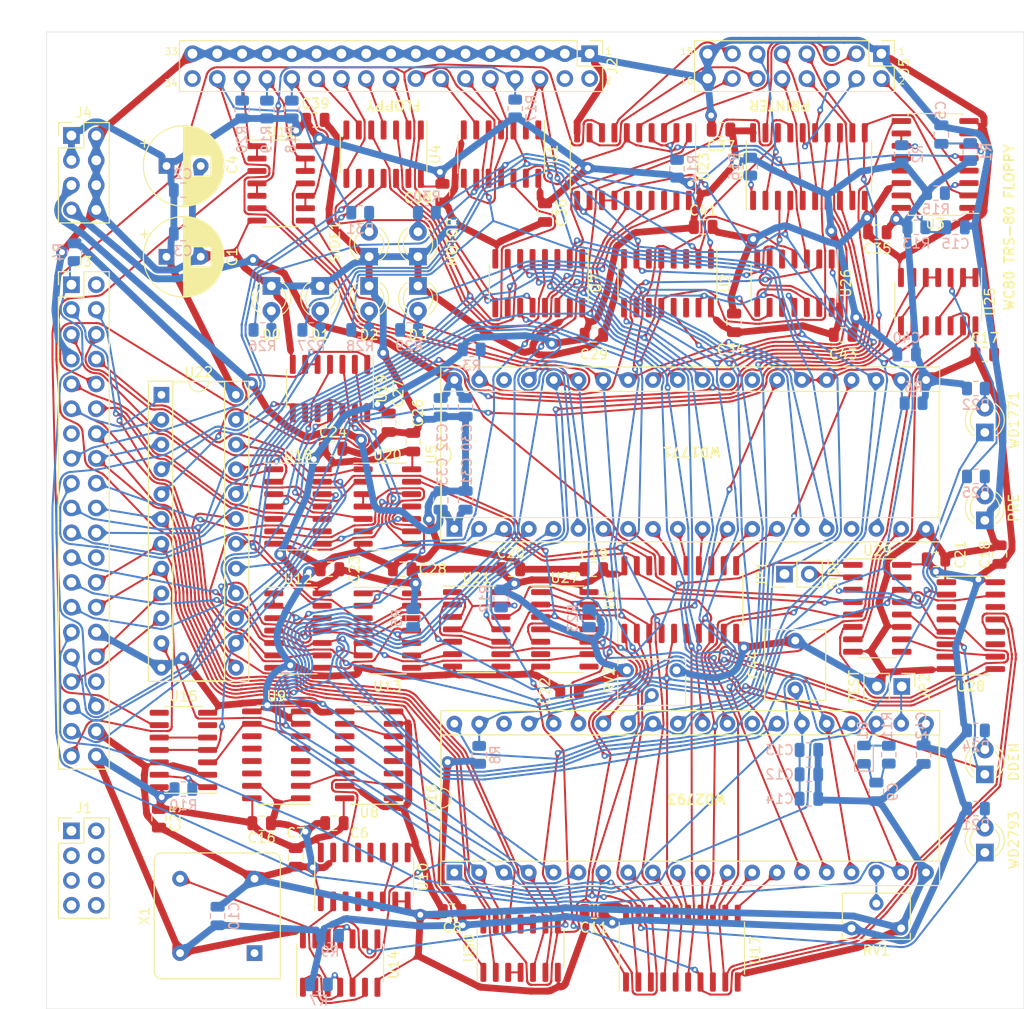
<source format=kicad_pcb>
(kicad_pcb (version 20171130) (host pcbnew "(5.1.9)-1")
  (layers (0 F.Cu signal) (31 B.Cu signal) (34 B.Paste user hide) (35 F.Paste user hide) (36 B.SilkS user hide) (37 F.SilkS user hide) (38 B.Mask user) (39 F.Mask user hide) (44 Edge.Cuts user))
  (net 0 "")
  (net 1 +5V)
  (net 2 GND)
  (net 3 F_D2)
  (net 4 F_D0)
  (net 5 F_A1)
  (net 6 F_D5)
  (net 7 F_A0)
  (net 8 F_D3)
  (net 9 F_D6)
  (net 10 F_D1)
  (net 11 F_D7)
  (net 12 F_D4)
  (net 13 ~F_INT~)
  (net 14 ~F_INUSE~)
  (net 15 ~F_EXMEM~)
  (net 16 ~F_SYSRES~)
  (net 17 "Net-(J5-Pad14)")
  (net 18 "Net-(J5-Pad12)")
  (net 19 "Net-(J5-Pad10)")
  (net 20 "Net-(J5-Pad6)")
  (net 21 -5V)
  (net 22 +12V)
  (net 23 "Net-(R3-Pad2)")
  (net 24 "Net-(U10-Pad10)")
  (net 25 "Net-(R6-Pad2)")
  (net 26 F_A2)
  (net 27 F_A6)
  (net 28 F_A5)
  (net 29 F_A7)
  (net 30 F_A3)
  (net 31 F_A4)
  (net 32 ~F_IN~)
  (net 33 F_A9)
  (net 34 ~F_READ~)
  (net 35 ~F_WRITE~)
  (net 36 F_A8)
  (net 37 ~F_OUT~)
  (net 38 F_A11)
  (net 39 F_A14)
  (net 40 F_A15)
  (net 41 F_A12)
  (net 42 F_A13)
  (net 43 F_A10)
  (net 44 "Net-(J5-Pad8)")
  (net 45 "Net-(J5-Pad4)")
  (net 46 "Net-(J5-Pad2)")
  (net 47 "Net-(R8-Pad2)")
  (net 48 "Net-(U4-Pad1)")
  (net 49 "Net-(U5-Pad11)")
  (net 50 "Net-(U5-Pad10)")
  (net 51 "Net-(U5-Pad9)")
  (net 52 "Net-(U5-Pad8)")
  (net 53 "Net-(U5-Pad7)")
  (net 54 "Net-(U5-Pad16)")
  (net 55 "Net-(U5-Pad15)")
  (net 56 "Net-(U5-Pad14)")
  (net 57 "Net-(U10-Pad14)")
  (net 58 "Net-(U11-Pad8)")
  (net 59 "Net-(U11-Pad6)")
  (net 60 "Net-(R9-Pad2)")
  (net 61 "Net-(R10-Pad2)")
  (net 62 "Net-(U13-Pad4)")
  (net 63 4MHz)
  (net 64 "Net-(U14-Pad12)")
  (net 65 2MHz)
  (net 66 1MHz)
  (net 67 "Net-(U14-Pad2)")
  (net 68 "Net-(U15-Pad10)")
  (net 69 "Net-(U16-Pad13)")
  (net 70 "Net-(U16-Pad12)")
  (net 71 "Net-(U16-Pad11)")
  (net 72 40Hz)
  (net 73 ~37E0~)
  (net 74 INTCLK)
  (net 75 "Net-(D1-Pad2)")
  (net 76 "Net-(JP2-Pad1)")
  (net 77 "Net-(R14-Pad2)")
  (net 78 "Net-(RV1-Pad2)")
  (net 79 "Net-(RV2-Pad2)")
  (net 80 "Net-(C5-Pad1)")
  (net 81 INTFLOP)
  (net 82 "Net-(U18-Pad11)")
  (net 83 "Net-(U18-Pad8)")
  (net 84 "Net-(U18-Pad6)")
  (net 85 "Net-(U18-Pad4)")
  (net 86 "Net-(U18-Pad3)")
  (net 87 "Net-(U19-Pad10)")
  (net 88 ~2793~)
  (net 89 "Net-(R16-Pad2)")
  (net 90 ~1771~)
  (net 91 ~PRINTREAD~)
  (net 92 ~PRINTWRITE~)
  (net 93 37XX)
  (net 94 "Net-(C9-Pad2)")
  (net 95 "Net-(C12-Pad2)")
  (net 96 "Net-(C15-Pad1)")
  (net 97 "Net-(J2-Pad30)")
  (net 98 "Net-(J2-Pad28)")
  (net 99 "Net-(J2-Pad26)")
  (net 100 "Net-(J2-Pad24)")
  (net 101 "Net-(J2-Pad22)")
  (net 102 "Net-(J2-Pad20)")
  (net 103 "Net-(J2-Pad18)")
  (net 104 "Net-(J2-Pad16)")
  (net 105 "Net-(J2-Pad14)")
  (net 106 "Net-(J2-Pad12)")
  (net 107 "Net-(J2-Pad10)")
  (net 108 "Net-(J2-Pad8)")
  (net 109 "Net-(J2-Pad6)")
  (net 110 "Net-(J5-Pad13)")
  (net 111 "Net-(J5-Pad11)")
  (net 112 "Net-(J5-Pad9)")
  (net 113 "Net-(J5-Pad7)")
  (net 114 "Net-(J5-Pad5)")
  (net 115 "Net-(J5-Pad3)")
  (net 116 "Net-(R2-Pad2)")
  (net 117 "Net-(R7-Pad2)")
  (net 118 "Net-(R15-Pad2)")
  (net 119 "Net-(U22-Pad23)")
  (net 120 "Net-(U4-Pad9)")
  (net 121 "Net-(U4-Pad5)")
  (net 122 "Net-(U4-Pad3)")
  (net 123 "Net-(U11-Pad11)")
  (net 124 "Net-(U5-Pad13)")
  (net 125 "Net-(U16-Pad32)")
  (net 126 "Net-(U5-Pad12)")
  (net 127 "Net-(U5-Pad31)")
  (net 128 "Net-(U5-Pad30)")
  (net 129 "Net-(U13-Pad1)")
  (net 130 "Net-(U16-Pad15)")
  (net 131 "Net-(U16-Pad16)")
  (net 132 "Net-(U16-Pad30)")
  (net 133 "Net-(U16-Pad31)")
  (net 134 "Net-(U8-Pad14)")
  (net 135 "Net-(U8-Pad10)")
  (net 136 "Net-(U16-Pad17)")
  (net 137 "Net-(U16-Pad14)")
  (net 138 "Net-(U16-Pad10)")
  (net 139 "Net-(U16-Pad9)")
  (net 140 "Net-(U16-Pad8)")
  (net 141 "Net-(U16-Pad7)")
  (net 142 "Net-(U19-Pad3)")
  (net 143 "Net-(U19-Pad2)")
  (net 144 "Net-(U20-Pad3)")
  (net 145 "Net-(R12-Pad2)")
  (net 146 "Net-(U12-Pad11)")
  (net 147 "Net-(U12-Pad8)")
  (net 148 "Net-(U12-Pad6)")
  (net 149 "Net-(U12-Pad4)")
  (net 150 "Net-(U13-Pad9)")
  (net 151 "Net-(U13-Pad8)")
  (net 152 ~DENSEL~)
  (net 153 "Net-(U13-Pad2)")
  (net 154 EFX)
  (net 155 "Net-(U21-Pad11)")
  (net 156 "Net-(U25-Pad4)")
  (net 157 "Net-(U25-Pad1)")
  (net 158 58SEL)
  (net 159 "Net-(U26-Pad13)")
  (net 160 "Net-(U26-Pad12)")
  (net 161 "Net-(U27-Pad5)")
  (net 162 "Net-(U28-Pad15)")
  (net 163 "Net-(U28-Pad10)")
  (net 164 "Net-(U28-Pad7)")
  (net 165 "Net-(U28-Pad2)")
  (net 166 FSIDE)
  (net 167 M1SIDE)
  (net 168 ~CDDEN~)
  (net 169 M1PRE)
  (net 170 CENP)
  (net 171 ~MDDEN~)
  (net 172 OPT)
  (net 173 "Net-(U25-Pad12)")
  (net 174 DFH)
  (net 175 DFL)
  (net 176 "Net-(U16-Pad4)")
  (net 177 "Net-(U16-Pad2)")
  (net 178 "Net-(U11-Pad3)")
  (net 179 FLOP)
  (net 180 "Net-(U30-Pad10)")
  (net 181 "Net-(U30-Pad3)")
  (net 182 "Net-(D2-Pad2)")
  (net 183 "Net-(D3-Pad2)")
  (net 184 "Net-(D4-Pad2)")
  (net 185 "Net-(D5-Pad2)")
  (net 186 "Net-(D6-Pad2)")
  (net 187 "Net-(D7-Pad2)")
  (net 188 "Net-(D8-Pad2)")
  (net 189 "Net-(D9-Pad2)")
  (net 190 "Net-(D10-Pad2)")
  (net 191 "Net-(D11-Pad2)")
  (net 192 D0)
  (net 193 D1)
  (net 194 D2)
  (net 195 D3)
  (net 196 MOTOR)
  (module Capacitor_THT:C_Rect_L7.0mm_W6.0mm_P5.00mm (layer F.Cu) (at 96.6 87.3 90)
    (fp_text reference C44 (at 2.5 -4.25 90) (layer F.SilkS))
    (fp_text value 60pF)
    (pad 2 thru_hole circle (at 5 0 90) (size 1.6 1.6) (drill 0.8) (layers *.Cu *.Mask) (net 2 GND))
    (pad 1 thru_hole circle (at 0 0 90) (size 1.6 1.6) (drill 0.8) (layers *.Cu *.Mask) (net 95 "Net-(C12-Pad2)"))
  )
  (module Capacitor_SMD:C_0805_2012Metric (layer F.Cu) (at 101.5 51)
    (fp_text reference C43 (at 0 2) (layer F.SilkS))
    (fp_text value 100n)
    (pad 2 smd roundrect (at 0.95 0) (size 1 1.45) (layers F.Cu F.Paste F.Mask) (net 2 GND))
    (pad 1 smd roundrect (at -0.95 0) (size 1 1.45) (layers F.Cu F.Paste F.Mask) (net 1 +5V))
  )
  (module Capacitor_SMD:C_0805_2012Metric (layer B.Cu) (at 109.728 93.98 270)
    (fp_text reference C42 (at -2.98 0.228 90) (layer B.SilkS) (effects (justify mirror)))
    (fp_text value 100n)
    (pad 2 smd roundrect (at 0.95 0 270) (size 1 1.45) (layers B.Cu B.Paste B.Mask) (net 2 GND))
    (pad 1 smd roundrect (at -0.95 0 270) (size 1 1.45) (layers B.Cu B.Paste B.Mask) (net 1 +5V))
  )
  (module Capacitor_SMD:C_0805_2012Metric (layer F.Cu) (at 87.1899 39.9524)
    (fp_text reference C41 (at 0 -1.68) (layer F.SilkS))
    (fp_text value 100n)
    (pad 2 smd roundrect (at 0.95 0) (size 1 1.45) (layers F.Cu F.Paste F.Mask) (net 2 GND))
    (pad 1 smd roundrect (at -0.95 0) (size 1 1.45) (layers F.Cu F.Paste F.Mask) (net 1 +5V))
  )
  (module Capacitor_SMD:C_0805_2012Metric (layer B.Cu) (at 108 53 180)
    (fp_text reference C40 (at 0 1.68) (layer B.SilkS) (effects (justify mirror)))
    (fp_text value 100n)
    (pad 2 smd roundrect (at 0.95 0 180) (size 1 1.45) (layers B.Cu B.Paste B.Mask) (net 2 GND))
    (pad 1 smd roundrect (at -0.95 0 180) (size 1 1.45) (layers B.Cu B.Paste B.Mask) (net 1 +5V))
  )
  (module Capacitor_SMD:C_0805_2012Metric (layer F.Cu) (at 47.5 29)
    (fp_text reference C39 (at 0 -1.68) (layer F.SilkS))
    (fp_text value 100n)
    (pad 2 smd roundrect (at 0.95 0) (size 1 1.45) (layers F.Cu F.Paste F.Mask) (net 2 GND))
    (pad 1 smd roundrect (at -0.95 0) (size 1 1.45) (layers F.Cu F.Paste F.Mask) (net 1 +5V))
  )
  (module Capacitor_SMD:C_0805_2012Metric (layer F.Cu) (at 60.5 36.5 270)
    (fp_text reference C38 (at 0.5 2.5) (layer F.SilkS))
    (fp_text value 100n)
    (pad 2 smd roundrect (at 0.95 0 270) (size 1 1.45) (layers F.Cu F.Paste F.Mask) (net 2 GND))
    (pad 1 smd roundrect (at -0.95 0 270) (size 1 1.45) (layers F.Cu F.Paste F.Mask) (net 1 +5V))
  )
  (module Capacitor_SMD:C_0805_2012Metric (layer F.Cu) (at 89 30 180)
    (fp_text reference C37 (at 0 -1.68) (layer F.SilkS))
    (fp_text value 100n)
    (pad 2 smd roundrect (at 0.95 0 180) (size 1 1.45) (layers F.Cu F.Paste F.Mask) (net 2 GND))
    (pad 1 smd roundrect (at -0.95 0 180) (size 1 1.45) (layers F.Cu F.Paste F.Mask) (net 1 +5V))
  )
  (module Capacitor_SMD:C_0805_2012Metric (layer F.Cu) (at 71 38.5 270)
    (fp_text reference C36 (at 0 -1.68 270) (layer F.SilkS))
    (fp_text value 100n)
    (pad 2 smd roundrect (at 0.95 0 270) (size 1 1.45) (layers F.Cu F.Paste F.Mask) (net 2 GND))
    (pad 1 smd roundrect (at -0.95 0 270) (size 1 1.45) (layers F.Cu F.Paste F.Mask) (net 1 +5V))
  )
  (module Capacitor_SMD:C_0805_2012Metric (layer F.Cu) (at 105 40.5 180)
    (fp_text reference C35 (at 0 -1.68 180) (layer F.SilkS))
    (fp_text value 100n)
    (pad 2 smd roundrect (at 0.95 0 180) (size 1 1.45) (layers F.Cu F.Paste F.Mask) (net 2 GND))
    (pad 1 smd roundrect (at -0.95 0 180) (size 1 1.45) (layers F.Cu F.Paste F.Mask) (net 1 +5V))
  )
  (module Capacitor_SMD:C_0805_2012Metric (layer F.Cu) (at 90.3434 49.7799 90)
    (fp_text reference C34 (at -2.7201 -0.3434 180) (layer F.SilkS))
    (fp_text value 100n)
    (pad 2 smd roundrect (at 0.95 0 90) (size 1 1.45) (layers F.Cu F.Paste F.Mask) (net 2 GND))
    (pad 1 smd roundrect (at -0.95 0 90) (size 1 1.45) (layers F.Cu F.Paste F.Mask) (net 1 +5V))
  )
  (module Package_SO:SOIC-14_3.9x8.7mm_P1.27mm (layer F.Cu) (at 68.5 113.792 90)
    (fp_text reference U30 (at 0 -5.28 90) (layer F.SilkS))
    (fp_text value 74LS00)
    (pad 14 smd roundrect (at 2.475 -3.81 90) (size 1.95 0.6) (layers F.Cu F.Paste F.Mask) (net 1 +5V))
    (pad 13 smd roundrect (at 2.475 -2.54 90) (size 1.95 0.6) (layers F.Cu F.Paste F.Mask) (net 35 ~F_WRITE~))
    (pad 12 smd roundrect (at 2.475 -1.27 90) (size 1.95 0.6) (layers F.Cu F.Paste F.Mask) (net 37 ~F_OUT~))
    (pad 11 smd roundrect (at 2.475 0 90) (size 1.95 0.6) (layers F.Cu F.Paste F.Mask) (net 180 "Net-(U30-Pad10)"))
    (pad 10 smd roundrect (at 2.475 1.27 90) (size 1.95 0.6) (layers F.Cu F.Paste F.Mask) (net 180 "Net-(U30-Pad10)"))
    (pad 9 smd roundrect (at 2.475 2.54 90) (size 1.95 0.6) (layers F.Cu F.Paste F.Mask) (net 179 FLOP))
    (pad 8 smd roundrect (at 2.475 3.81 90) (size 1.95 0.6) (layers F.Cu F.Paste F.Mask) (net 177 "Net-(U16-Pad2)"))
    (pad 7 smd roundrect (at -2.475 3.81 90) (size 1.95 0.6) (layers F.Cu F.Paste F.Mask) (net 2 GND))
    (pad 6 smd roundrect (at -2.475 2.54 90) (size 1.95 0.6) (layers F.Cu F.Paste F.Mask) (net 176 "Net-(U16-Pad4)"))
    (pad 5 smd roundrect (at -2.475 1.27 90) (size 1.95 0.6) (layers F.Cu F.Paste F.Mask) (net 179 FLOP))
    (pad 4 smd roundrect (at -2.475 0 90) (size 1.95 0.6) (layers F.Cu F.Paste F.Mask) (net 181 "Net-(U30-Pad3)"))
    (pad 3 smd roundrect (at -2.475 -1.27 90) (size 1.95 0.6) (layers F.Cu F.Paste F.Mask) (net 181 "Net-(U30-Pad3)"))
    (pad 2 smd roundrect (at -2.475 -2.54 90) (size 1.95 0.6) (layers F.Cu F.Paste F.Mask) (net 34 ~F_READ~))
    (pad 1 smd roundrect (at -2.475 -3.81 90) (size 1.95 0.6) (layers F.Cu F.Paste F.Mask) (net 32 ~F_IN~))
  )
  (module Package_SO:SOIC-14_3.9x8.7mm_P1.27mm (layer F.Cu) (at 96.52 45.72 270)
    (fp_text reference U26 (at 0 -5.28 90) (layer F.SilkS))
    (fp_text value 74LS32)
    (pad 14 smd roundrect (at 2.475 -3.81 270) (size 1.95 0.6) (layers F.Cu F.Paste F.Mask) (net 1 +5V))
    (pad 13 smd roundrect (at 2.475 -2.54 270) (size 1.95 0.6) (layers F.Cu F.Paste F.Mask) (net 159 "Net-(U26-Pad13)"))
    (pad 12 smd roundrect (at 2.475 -1.27 270) (size 1.95 0.6) (layers F.Cu F.Paste F.Mask) (net 160 "Net-(U26-Pad12)"))
    (pad 11 smd roundrect (at 2.475 0 270) (size 1.95 0.6) (layers F.Cu F.Paste F.Mask) (net 125 "Net-(U16-Pad32)"))
    (pad 10 smd roundrect (at 2.475 1.27 270) (size 1.95 0.6) (layers F.Cu F.Paste F.Mask) (net 195 D3))
    (pad 9 smd roundrect (at 2.475 2.54 270) (size 1.95 0.6) (layers F.Cu F.Paste F.Mask) (net 194 D2))
    (pad 8 smd roundrect (at 2.475 3.81 270) (size 1.95 0.6) (layers F.Cu F.Paste F.Mask) (net 160 "Net-(U26-Pad12)"))
    (pad 7 smd roundrect (at -2.475 3.81 270) (size 1.95 0.6) (layers F.Cu F.Paste F.Mask) (net 2 GND))
    (pad 6 smd roundrect (at -2.475 2.54 270) (size 1.95 0.6) (layers F.Cu F.Paste F.Mask) (net 159 "Net-(U26-Pad13)"))
    (pad 5 smd roundrect (at -2.475 1.27 270) (size 1.95 0.6) (layers F.Cu F.Paste F.Mask) (net 193 D1))
    (pad 4 smd roundrect (at -2.475 0 270) (size 1.95 0.6) (layers F.Cu F.Paste F.Mask) (net 192 D0))
    (pad 3 smd roundrect (at -2.475 -1.27 270) (size 1.95 0.6) (layers F.Cu F.Paste F.Mask) (net 81 INTFLOP))
    (pad 2 smd roundrect (at -2.475 -2.54 270) (size 1.95 0.6) (layers F.Cu F.Paste F.Mask) (net 23 "Net-(R3-Pad2)"))
    (pad 1 smd roundrect (at -2.475 -3.81 270) (size 1.95 0.6) (layers F.Cu F.Paste F.Mask) (net 47 "Net-(R8-Pad2)"))
  )
  (module Package_SO:SOIC-14_3.9x8.7mm_P1.27mm (layer F.Cu) (at 111.228 47.608 270)
    (fp_text reference U25 (at 0 -5.28 90) (layer F.SilkS))
    (fp_text value 74LS00)
    (pad 14 smd roundrect (at 2.475 -3.81 270) (size 1.95 0.6) (layers F.Cu F.Paste F.Mask) (net 1 +5V))
    (pad 13 smd roundrect (at 2.475 -2.54 270) (size 1.95 0.6) (layers F.Cu F.Paste F.Mask) (net 169 M1PRE))
    (pad 12 smd roundrect (at 2.475 -1.27 270) (size 1.95 0.6) (layers F.Cu F.Paste F.Mask) (net 173 "Net-(U25-Pad12)"))
    (pad 11 smd roundrect (at 2.475 0 270) (size 1.95 0.6) (layers F.Cu F.Paste F.Mask) (net 157 "Net-(U25-Pad1)"))
    (pad 10 smd roundrect (at 2.475 1.27 270) (size 1.95 0.6) (layers F.Cu F.Paste F.Mask) (net 11 F_D7))
    (pad 9 smd roundrect (at 2.475 2.54 270) (size 1.95 0.6) (layers F.Cu F.Paste F.Mask) (net 158 58SEL))
    (pad 8 smd roundrect (at 2.475 3.81 270) (size 1.95 0.6) (layers F.Cu F.Paste F.Mask) (net 156 "Net-(U25-Pad4)"))
    (pad 7 smd roundrect (at -2.475 3.81 270) (size 1.95 0.6) (layers F.Cu F.Paste F.Mask) (net 2 GND))
    (pad 6 smd roundrect (at -2.475 2.54 270) (size 1.95 0.6) (layers F.Cu F.Paste F.Mask) (net 155 "Net-(U21-Pad11)"))
    (pad 5 smd roundrect (at -2.475 1.27 270) (size 1.95 0.6) (layers F.Cu F.Paste F.Mask) (net 156 "Net-(U25-Pad4)"))
    (pad 4 smd roundrect (at -2.475 0 270) (size 1.95 0.6) (layers F.Cu F.Paste F.Mask) (net 156 "Net-(U25-Pad4)"))
    (pad 3 smd roundrect (at -2.475 -1.27 270) (size 1.95 0.6) (layers F.Cu F.Paste F.Mask) (net 170 CENP))
    (pad 2 smd roundrect (at -2.475 -2.54 270) (size 1.95 0.6) (layers F.Cu F.Paste F.Mask) (net 157 "Net-(U25-Pad1)"))
    (pad 1 smd roundrect (at -2.475 -3.81 270) (size 1.95 0.6) (layers F.Cu F.Paste F.Mask) (net 157 "Net-(U25-Pad1)"))
  )
  (module Package_SO:SOIC-14_3.9x8.7mm_P1.27mm (layer F.Cu) (at 54.864 68.58)
    (fp_text reference U20 (at 0 -5.28) (layer F.SilkS))
    (fp_text value 74LS32)
    (pad 14 smd roundrect (at 2.475 -3.81) (size 1.95 0.6) (layers F.Cu F.Paste F.Mask) (net 1 +5V))
    (pad 13 smd roundrect (at 2.475 -2.54) (size 1.95 0.6) (layers F.Cu F.Paste F.Mask) (net 3 F_D2))
    (pad 12 smd roundrect (at 2.475 -1.27) (size 1.95 0.6) (layers F.Cu F.Paste F.Mask) (net 148 "Net-(U12-Pad6)"))
    (pad 11 smd roundrect (at 2.475 0) (size 1.95 0.6) (layers F.Cu F.Paste F.Mask) (net 153 "Net-(U13-Pad2)"))
    (pad 10 smd roundrect (at 2.475 1.27) (size 1.95 0.6) (layers F.Cu F.Paste F.Mask) (net 83 "Net-(U18-Pad8)"))
    (pad 9 smd roundrect (at 2.475 2.54) (size 1.95 0.6) (layers F.Cu F.Paste F.Mask) (net 84 "Net-(U18-Pad6)"))
    (pad 8 smd roundrect (at 2.475 3.81) (size 1.95 0.6) (layers F.Cu F.Paste F.Mask) (net 142 "Net-(U19-Pad3)"))
    (pad 7 smd roundrect (at -2.475 3.81) (size 1.95 0.6) (layers F.Cu F.Paste F.Mask) (net 2 GND))
    (pad 6 smd roundrect (at -2.475 2.54) (size 1.95 0.6) (layers F.Cu F.Paste F.Mask) (net 143 "Net-(U19-Pad2)"))
    (pad 5 smd roundrect (at -2.475 1.27) (size 1.95 0.6) (layers F.Cu F.Paste F.Mask) (net 86 "Net-(U18-Pad3)"))
    (pad 4 smd roundrect (at -2.475 0) (size 1.95 0.6) (layers F.Cu F.Paste F.Mask) (net 144 "Net-(U20-Pad3)"))
    (pad 3 smd roundrect (at -2.475 -1.27) (size 1.95 0.6) (layers F.Cu F.Paste F.Mask) (net 144 "Net-(U20-Pad3)"))
    (pad 2 smd roundrect (at -2.475 -2.54) (size 1.95 0.6) (layers F.Cu F.Paste F.Mask) (net 39 F_A14))
    (pad 1 smd roundrect (at -2.475 -3.81) (size 1.95 0.6) (layers F.Cu F.Paste F.Mask) (net 40 F_A15))
  )
  (module Package_SO:SOIC-14_3.9x8.7mm_P1.27mm (layer F.Cu) (at 49 56.5 270)
    (fp_text reference U19 (at 0 -5.28 90) (layer F.SilkS))
    (fp_text value 74LS02)
    (pad 14 smd roundrect (at 2.475 -3.81 270) (size 1.95 0.6) (layers F.Cu F.Paste F.Mask) (net 1 +5V))
    (pad 13 smd roundrect (at 2.475 -2.54 270) (size 1.95 0.6) (layers F.Cu F.Paste F.Mask) (net 154 EFX))
    (pad 12 smd roundrect (at 2.475 -1.27 270) (size 1.95 0.6) (layers F.Cu F.Paste F.Mask) (net 87 "Net-(U19-Pad10)"))
    (pad 11 smd roundrect (at 2.475 0 270) (size 1.95 0.6) (layers F.Cu F.Paste F.Mask) (net 82 "Net-(U18-Pad11)"))
    (pad 10 smd roundrect (at 2.475 1.27 270) (size 1.95 0.6) (layers F.Cu F.Paste F.Mask) (net 87 "Net-(U19-Pad10)"))
    (pad 9 smd roundrect (at 2.475 2.54 270) (size 1.95 0.6) (layers F.Cu F.Paste F.Mask) (net 28 F_A5))
    (pad 8 smd roundrect (at 2.475 3.81 270) (size 1.95 0.6) (layers F.Cu F.Paste F.Mask) (net 28 F_A5))
    (pad 7 smd roundrect (at -2.475 3.81 270) (size 1.95 0.6) (layers F.Cu F.Paste F.Mask) (net 2 GND))
    (pad 6 smd roundrect (at -2.475 2.54 270) (size 1.95 0.6) (layers F.Cu F.Paste F.Mask) (net 38 F_A11))
    (pad 5 smd roundrect (at -2.475 1.27 270) (size 1.95 0.6) (layers F.Cu F.Paste F.Mask) (net 38 F_A11))
    (pad 4 smd roundrect (at -2.475 0 270) (size 1.95 0.6) (layers F.Cu F.Paste F.Mask) (net 85 "Net-(U18-Pad4)"))
    (pad 3 smd roundrect (at -2.475 -1.27 270) (size 1.95 0.6) (layers F.Cu F.Paste F.Mask) (net 142 "Net-(U19-Pad3)"))
    (pad 2 smd roundrect (at -2.475 -2.54 270) (size 1.95 0.6) (layers F.Cu F.Paste F.Mask) (net 143 "Net-(U19-Pad2)"))
    (pad 1 smd roundrect (at -2.475 -3.81 270) (size 1.95 0.6) (layers F.Cu F.Paste F.Mask) (net 93 37XX))
  )
  (module Package_SO:SOIC-14_3.9x8.7mm_P1.27mm (layer F.Cu) (at 45.72 68.58)
    (fp_text reference U18 (at 0 -5.28) (layer F.SilkS))
    (fp_text value 74LS00)
    (pad 14 smd roundrect (at 2.475 -3.81) (size 1.95 0.6) (layers F.Cu F.Paste F.Mask) (net 1 +5V))
    (pad 13 smd roundrect (at 2.475 -2.54) (size 1.95 0.6) (layers F.Cu F.Paste F.Mask) (net 27 F_A6))
    (pad 12 smd roundrect (at 2.475 -1.27) (size 1.95 0.6) (layers F.Cu F.Paste F.Mask) (net 29 F_A7))
    (pad 11 smd roundrect (at 2.475 0) (size 1.95 0.6) (layers F.Cu F.Paste F.Mask) (net 82 "Net-(U18-Pad11)"))
    (pad 10 smd roundrect (at 2.475 1.27) (size 1.95 0.6) (layers F.Cu F.Paste F.Mask) (net 36 F_A8))
    (pad 9 smd roundrect (at 2.475 2.54) (size 1.95 0.6) (layers F.Cu F.Paste F.Mask) (net 33 F_A9))
    (pad 8 smd roundrect (at 2.475 3.81) (size 1.95 0.6) (layers F.Cu F.Paste F.Mask) (net 83 "Net-(U18-Pad8)"))
    (pad 7 smd roundrect (at -2.475 3.81) (size 1.95 0.6) (layers F.Cu F.Paste F.Mask) (net 2 GND))
    (pad 6 smd roundrect (at -2.475 2.54) (size 1.95 0.6) (layers F.Cu F.Paste F.Mask) (net 84 "Net-(U18-Pad6)"))
    (pad 5 smd roundrect (at -2.475 1.27) (size 1.95 0.6) (layers F.Cu F.Paste F.Mask) (net 43 F_A10))
    (pad 4 smd roundrect (at -2.475 0) (size 1.95 0.6) (layers F.Cu F.Paste F.Mask) (net 85 "Net-(U18-Pad4)"))
    (pad 3 smd roundrect (at -2.475 -1.27) (size 1.95 0.6) (layers F.Cu F.Paste F.Mask) (net 86 "Net-(U18-Pad3)"))
    (pad 2 smd roundrect (at -2.475 -2.54) (size 1.95 0.6) (layers F.Cu F.Paste F.Mask) (net 41 F_A12))
    (pad 1 smd roundrect (at -2.475 -3.81) (size 1.95 0.6) (layers F.Cu F.Paste F.Mask) (net 42 F_A13))
  )
  (module Package_SO:SOIC-14_3.9x8.7mm_P1.27mm (layer F.Cu) (at 54.864 81.28)
    (fp_text reference U13 (at 0 5.72) (layer F.SilkS))
    (fp_text value 74LS02)
    (pad 14 smd roundrect (at 2.475 -3.81) (size 1.95 0.6) (layers F.Cu F.Paste F.Mask) (net 1 +5V))
    (pad 13 smd roundrect (at 2.475 -2.54) (size 1.95 0.6) (layers F.Cu F.Paste F.Mask) (net 149 "Net-(U12-Pad4)"))
    (pad 12 smd roundrect (at 2.475 -1.27) (size 1.95 0.6) (layers F.Cu F.Paste F.Mask) (net 146 "Net-(U12-Pad11)"))
    (pad 11 smd roundrect (at 2.475 0) (size 1.95 0.6) (layers F.Cu F.Paste F.Mask) (net 147 "Net-(U12-Pad8)"))
    (pad 10 smd roundrect (at 2.475 1.27) (size 1.95 0.6) (layers F.Cu F.Paste F.Mask) (net 88 ~2793~))
    (pad 9 smd roundrect (at 2.475 2.54) (size 1.95 0.6) (layers F.Cu F.Paste F.Mask) (net 150 "Net-(U13-Pad9)"))
    (pad 8 smd roundrect (at 2.475 3.81) (size 1.95 0.6) (layers F.Cu F.Paste F.Mask) (net 151 "Net-(U13-Pad8)"))
    (pad 7 smd roundrect (at -2.475 3.81) (size 1.95 0.6) (layers F.Cu F.Paste F.Mask) (net 2 GND))
    (pad 6 smd roundrect (at -2.475 2.54) (size 1.95 0.6) (layers F.Cu F.Paste F.Mask) (net 178 "Net-(U11-Pad3)"))
    (pad 5 smd roundrect (at -2.475 1.27) (size 1.95 0.6) (layers F.Cu F.Paste F.Mask) (net 178 "Net-(U11-Pad3)"))
    (pad 4 smd roundrect (at -2.475 0) (size 1.95 0.6) (layers F.Cu F.Paste F.Mask) (net 62 "Net-(U13-Pad4)"))
    (pad 3 smd roundrect (at -2.475 -1.27) (size 1.95 0.6) (layers F.Cu F.Paste F.Mask) (net 152 ~DENSEL~))
    (pad 2 smd roundrect (at -2.475 -2.54) (size 1.95 0.6) (layers F.Cu F.Paste F.Mask) (net 153 "Net-(U13-Pad2)"))
    (pad 1 smd roundrect (at -2.475 -3.81) (size 1.95 0.6) (layers F.Cu F.Paste F.Mask) (net 129 "Net-(U13-Pad1)"))
  )
  (module Package_SO:SOIC-14_3.9x8.7mm_P1.27mm (layer F.Cu) (at 45.72 81.28)
    (fp_text reference U12 (at 0 -5.28) (layer F.SilkS))
    (fp_text value 74LS00)
    (pad 14 smd roundrect (at 2.475 -3.81) (size 1.95 0.6) (layers F.Cu F.Paste F.Mask) (net 1 +5V))
    (pad 13 smd roundrect (at 2.475 -2.54) (size 1.95 0.6) (layers F.Cu F.Paste F.Mask) (net 12 F_D4))
    (pad 12 smd roundrect (at 2.475 -1.27) (size 1.95 0.6) (layers F.Cu F.Paste F.Mask) (net 6 F_D5))
    (pad 11 smd roundrect (at 2.475 0) (size 1.95 0.6) (layers F.Cu F.Paste F.Mask) (net 146 "Net-(U12-Pad11)"))
    (pad 10 smd roundrect (at 2.475 1.27) (size 1.95 0.6) (layers F.Cu F.Paste F.Mask) (net 9 F_D6))
    (pad 9 smd roundrect (at 2.475 2.54) (size 1.95 0.6) (layers F.Cu F.Paste F.Mask) (net 11 F_D7))
    (pad 8 smd roundrect (at 2.475 3.81) (size 1.95 0.6) (layers F.Cu F.Paste F.Mask) (net 147 "Net-(U12-Pad8)"))
    (pad 7 smd roundrect (at -2.475 3.81) (size 1.95 0.6) (layers F.Cu F.Paste F.Mask) (net 2 GND))
    (pad 6 smd roundrect (at -2.475 2.54) (size 1.95 0.6) (layers F.Cu F.Paste F.Mask) (net 148 "Net-(U12-Pad6)"))
    (pad 5 smd roundrect (at -2.475 1.27) (size 1.95 0.6) (layers F.Cu F.Paste F.Mask) (net 8 F_D3))
    (pad 4 smd roundrect (at -2.475 0) (size 1.95 0.6) (layers F.Cu F.Paste F.Mask) (net 149 "Net-(U12-Pad4)"))
    (pad 3 smd roundrect (at -2.475 -1.27) (size 1.95 0.6) (layers F.Cu F.Paste F.Mask) (net 90 ~1771~))
    (pad 2 smd roundrect (at -2.475 -2.54) (size 1.95 0.6) (layers F.Cu F.Paste F.Mask) (net 88 ~2793~))
    (pad 1 smd roundrect (at -2.475 -3.81) (size 1.95 0.6) (layers F.Cu F.Paste F.Mask) (net 88 ~2793~))
  )
  (module Package_SO:SOIC-14_3.9x8.7mm_P1.27mm (layer F.Cu) (at 44 35.5)
    (fp_text reference U11 (at 0 -5.28) (layer F.SilkS))
    (fp_text value 74LS32)
    (pad 14 smd roundrect (at 2.475 -3.81) (size 1.95 0.6) (layers F.Cu F.Paste F.Mask) (net 1 +5V))
    (pad 13 smd roundrect (at 2.475 -2.54) (size 1.95 0.6) (layers F.Cu F.Paste F.Mask) (net 98 "Net-(J2-Pad28)"))
    (pad 12 smd roundrect (at 2.475 -1.27) (size 1.95 0.6) (layers F.Cu F.Paste F.Mask) (net 98 "Net-(J2-Pad28)"))
    (pad 11 smd roundrect (at 2.475 0) (size 1.95 0.6) (layers F.Cu F.Paste F.Mask) (net 123 "Net-(U11-Pad11)"))
    (pad 10 smd roundrect (at 2.475 1.27) (size 1.95 0.6) (layers F.Cu F.Paste F.Mask) (net 99 "Net-(J2-Pad26)"))
    (pad 9 smd roundrect (at 2.475 2.54) (size 1.95 0.6) (layers F.Cu F.Paste F.Mask) (net 99 "Net-(J2-Pad26)"))
    (pad 8 smd roundrect (at 2.475 3.81) (size 1.95 0.6) (layers F.Cu F.Paste F.Mask) (net 58 "Net-(U11-Pad8)"))
    (pad 7 smd roundrect (at -2.475 3.81) (size 1.95 0.6) (layers F.Cu F.Paste F.Mask) (net 2 GND))
    (pad 6 smd roundrect (at -2.475 2.54) (size 1.95 0.6) (layers F.Cu F.Paste F.Mask) (net 59 "Net-(U11-Pad6)"))
    (pad 5 smd roundrect (at -2.475 1.27) (size 1.95 0.6) (layers F.Cu F.Paste F.Mask) (net 108 "Net-(J2-Pad8)"))
    (pad 4 smd roundrect (at -2.475 0) (size 1.95 0.6) (layers F.Cu F.Paste F.Mask) (net 108 "Net-(J2-Pad8)"))
    (pad 3 smd roundrect (at -2.475 -1.27) (size 1.95 0.6) (layers F.Cu F.Paste F.Mask) (net 178 "Net-(U11-Pad3)"))
    (pad 2 smd roundrect (at -2.475 -2.54) (size 1.95 0.6) (layers F.Cu F.Paste F.Mask) (net 97 "Net-(J2-Pad30)"))
    (pad 1 smd roundrect (at -2.475 -3.81) (size 1.95 0.6) (layers F.Cu F.Paste F.Mask) (net 97 "Net-(J2-Pad30)"))
  )
  (module Capacitor_SMD:C_0805_2012Metric (layer B.Cu) (at 60.325 67.945 90)
    (fp_text reference C33 (at 2.945 0.175 90) (layer B.SilkS) (effects (justify mirror)))
    (fp_text value 100n)
    (pad 2 smd roundrect (at 0.95 0 90) (size 1 1.45) (layers B.Cu B.Paste B.Mask) (net 2 GND))
    (pad 1 smd roundrect (at -0.95 0 90) (size 1 1.45) (layers B.Cu B.Paste B.Mask) (net 21 -5V))
  )
  (module Capacitor_SMD:C_0805_2012Metric (layer B.Cu) (at 60.325 58.42 270)
    (fp_text reference C32 (at 3.08 -0.175 90) (layer B.SilkS) (effects (justify mirror)))
    (fp_text value 100n)
    (pad 2 smd roundrect (at 0.95 0 270) (size 1 1.45) (layers B.Cu B.Paste B.Mask) (net 2 GND))
    (pad 1 smd roundrect (at -0.95 0 270) (size 1 1.45) (layers B.Cu B.Paste B.Mask) (net 22 +12V))
  )
  (module Resistor_SMD:R_0805_2012Metric (layer B.Cu) (at 52.0875 38.5)
    (fp_text reference R31 (at 0 1.65) (layer B.SilkS) (effects (justify mirror)))
    (fp_text value 470)
    (pad 2 smd roundrect (at 0.9125 0) (size 1.025 1.4) (layers B.Cu B.Paste B.Mask) (roundrect_rratio 0.243902) (net 191 "Net-(D11-Pad2)"))
    (pad 1 smd roundrect (at -0.9125 0) (size 1.025 1.4) (layers B.Cu B.Paste B.Mask) (roundrect_rratio 0.243902) (net 166 FSIDE))
  )
  (module Resistor_SMD:R_0805_2012Metric (layer B.Cu) (at 58.9125 38.5 180)
    (fp_text reference R30 (at 0 1.65) (layer B.SilkS) (effects (justify mirror)))
    (fp_text value 470)
    (pad 2 smd roundrect (at 0.9125 0 180) (size 1.025 1.4) (layers B.Cu B.Paste B.Mask) (roundrect_rratio 0.243902) (net 190 "Net-(D10-Pad2)"))
    (pad 1 smd roundrect (at -0.9125 0 180) (size 1.025 1.4) (layers B.Cu B.Paste B.Mask) (roundrect_rratio 0.243902) (net 196 MOTOR))
  )
  (module Resistor_SMD:R_0805_2012Metric (layer B.Cu) (at 57.0875 50.5)
    (fp_text reference R29 (at 0 1.65) (layer B.SilkS) (effects (justify mirror)))
    (fp_text value 470)
    (pad 2 smd roundrect (at 0.9125 0) (size 1.025 1.4) (layers B.Cu B.Paste B.Mask) (roundrect_rratio 0.243902) (net 189 "Net-(D9-Pad2)"))
    (pad 1 smd roundrect (at -0.9125 0) (size 1.025 1.4) (layers B.Cu B.Paste B.Mask) (roundrect_rratio 0.243902) (net 195 D3))
  )
  (module Resistor_SMD:R_0805_2012Metric (layer B.Cu) (at 52.0875 50.5)
    (fp_text reference R28 (at 0 1.65) (layer B.SilkS) (effects (justify mirror)))
    (fp_text value 470)
    (pad 2 smd roundrect (at 0.9125 0) (size 1.025 1.4) (layers B.Cu B.Paste B.Mask) (roundrect_rratio 0.243902) (net 188 "Net-(D8-Pad2)"))
    (pad 1 smd roundrect (at -0.9125 0) (size 1.025 1.4) (layers B.Cu B.Paste B.Mask) (roundrect_rratio 0.243902) (net 194 D2))
  )
  (module Resistor_SMD:R_0805_2012Metric (layer B.Cu) (at 47.0875 50.5)
    (fp_text reference R27 (at 0 1.65) (layer B.SilkS) (effects (justify mirror)))
    (fp_text value 470)
    (pad 2 smd roundrect (at 0.9125 0) (size 1.025 1.4) (layers B.Cu B.Paste B.Mask) (roundrect_rratio 0.243902) (net 187 "Net-(D7-Pad2)"))
    (pad 1 smd roundrect (at -0.9125 0) (size 1.025 1.4) (layers B.Cu B.Paste B.Mask) (roundrect_rratio 0.243902) (net 193 D1))
  )
  (module Resistor_SMD:R_0805_2012Metric (layer B.Cu) (at 42.0875 50.5)
    (fp_text reference R26 (at 0 1.65) (layer B.SilkS) (effects (justify mirror)))
    (fp_text value 470)
    (pad 2 smd roundrect (at 0.9125 0) (size 1.025 1.4) (layers B.Cu B.Paste B.Mask) (roundrect_rratio 0.243902) (net 186 "Net-(D6-Pad2)"))
    (pad 1 smd roundrect (at -0.9125 0) (size 1.025 1.4) (layers B.Cu B.Paste B.Mask) (roundrect_rratio 0.243902) (net 192 D0))
  )
  (module Resistor_SMD:R_0805_2012Metric (layer B.Cu) (at 115.088 65.5)
    (fp_text reference R25 (at 0 1.65) (layer B.SilkS) (effects (justify mirror)))
    (fp_text value 470)
    (pad 2 smd roundrect (at 0.9125 0) (size 1.025 1.4) (layers B.Cu B.Paste B.Mask) (roundrect_rratio 0.243902) (net 185 "Net-(D5-Pad2)"))
    (pad 1 smd roundrect (at -0.9125 0) (size 1.025 1.4) (layers B.Cu B.Paste B.Mask) (roundrect_rratio 0.243902) (net 170 CENP))
  )
  (module Resistor_SMD:R_0805_2012Metric (layer B.Cu) (at 115.088 91.5)
    (fp_text reference R24 (at 0 1.65) (layer B.SilkS) (effects (justify mirror)))
    (fp_text value 470)
    (pad 2 smd roundrect (at 0.9125 0) (size 1.025 1.4) (layers B.Cu B.Paste B.Mask) (roundrect_rratio 0.243902) (net 184 "Net-(D4-Pad2)"))
    (pad 1 smd roundrect (at -0.9125 0) (size 1.025 1.4) (layers B.Cu B.Paste B.Mask) (roundrect_rratio 0.243902) (net 1 +5V))
  )
  (module Resistor_SMD:R_0805_2012Metric (layer B.Cu) (at 115.088 56.5)
    (fp_text reference R22 (at 0 1.65) (layer B.SilkS) (effects (justify mirror)))
    (fp_text value 470)
    (pad 2 smd roundrect (at 0.9125 0) (size 1.025 1.4) (layers B.Cu B.Paste B.Mask) (roundrect_rratio 0.243902) (net 183 "Net-(D3-Pad2)"))
    (pad 1 smd roundrect (at -0.9125 0) (size 1.025 1.4) (layers B.Cu B.Paste B.Mask) (roundrect_rratio 0.243902) (net 1 +5V))
  )
  (module Resistor_SMD:R_0805_2012Metric (layer B.Cu) (at 115.088 99.5)
    (fp_text reference R21 (at 0 1.65) (layer B.SilkS) (effects (justify mirror)))
    (fp_text value 470)
    (pad 2 smd roundrect (at 0.9125 0) (size 1.025 1.4) (layers B.Cu B.Paste B.Mask) (roundrect_rratio 0.243902) (net 182 "Net-(D2-Pad2)"))
    (pad 1 smd roundrect (at -0.9125 0) (size 1.025 1.4) (layers B.Cu B.Paste B.Mask) (roundrect_rratio 0.243902) (net 1 +5V))
  )
  (module LED_THT:LED_D3.0mm (layer F.Cu) (at 53 43 90)
    (fp_text reference D11 hide)
    (fp_text value SIDE1 (at 1.5 -3.5 270) (layer F.SilkS))
    (pad 2 thru_hole circle (at 2.54 0 90) (size 1.8 1.8) (drill 0.9) (layers *.Cu *.Mask) (net 191 "Net-(D11-Pad2)"))
    (pad 1 thru_hole rect (at 0 0 90) (size 1.8 1.8) (drill 0.9) (layers *.Cu *.Mask) (net 2 GND))
  )
  (module LED_THT:LED_D3.0mm (layer F.Cu) (at 58 43 90)
    (fp_text reference D10 hide)
    (fp_text value MOTOR (at 1.5 3.5 270) (layer F.SilkS))
    (pad 2 thru_hole circle (at 2.54 0 90) (size 1.8 1.8) (drill 0.9) (layers *.Cu *.Mask) (net 190 "Net-(D10-Pad2)"))
    (pad 1 thru_hole rect (at 0 0 90) (size 1.8 1.8) (drill 0.9) (layers *.Cu *.Mask) (net 2 GND))
  )
  (module LED_THT:LED_D3.0mm (layer F.Cu) (at 58 46 270)
    (fp_text reference D9 hide)
    (fp_text value D3 (at 5 0 180) (layer F.SilkS))
    (pad 2 thru_hole circle (at 2.54 0 270) (size 1.8 1.8) (drill 0.9) (layers *.Cu *.Mask) (net 189 "Net-(D9-Pad2)"))
    (pad 1 thru_hole rect (at 0 0 270) (size 1.8 1.8) (drill 0.9) (layers *.Cu *.Mask) (net 2 GND))
  )
  (module LED_THT:LED_D3.0mm (layer F.Cu) (at 53 46 270)
    (fp_text reference D8 hide)
    (fp_text value D2 (at 5 0 180) (layer F.SilkS))
    (pad 2 thru_hole circle (at 2.54 0 270) (size 1.8 1.8) (drill 0.9) (layers *.Cu *.Mask) (net 188 "Net-(D8-Pad2)"))
    (pad 1 thru_hole rect (at 0 0 270) (size 1.8 1.8) (drill 0.9) (layers *.Cu *.Mask) (net 2 GND))
  )
  (module LED_THT:LED_D3.0mm (layer F.Cu) (at 48 46 270)
    (fp_text reference D7 hide)
    (fp_text value D1 (at 5 0 180) (layer F.SilkS))
    (pad 2 thru_hole circle (at 2.54 0 270) (size 1.8 1.8) (drill 0.9) (layers *.Cu *.Mask) (net 187 "Net-(D7-Pad2)"))
    (pad 1 thru_hole rect (at 0 0 270) (size 1.8 1.8) (drill 0.9) (layers *.Cu *.Mask) (net 2 GND))
  )
  (module LED_THT:LED_D3.0mm (layer F.Cu) (at 43 46 270)
    (fp_text reference D6 hide)
    (fp_text value D0 (at 5 0 180) (layer F.SilkS))
    (pad 2 thru_hole circle (at 2.54 0 270) (size 1.8 1.8) (drill 0.9) (layers *.Cu *.Mask) (net 186 "Net-(D6-Pad2)"))
    (pad 1 thru_hole rect (at 0 0 270) (size 1.8 1.8) (drill 0.9) (layers *.Cu *.Mask) (net 2 GND))
  )
  (module LED_THT:LED_D3.0mm (layer F.Cu) (at 116 70 90)
    (fp_text reference D5 hide)
    (fp_text value PRE (at 1.27 2.96 90) (layer F.SilkS))
    (pad 2 thru_hole circle (at 2.54 0 90) (size 1.8 1.8) (drill 0.9) (layers *.Cu *.Mask) (net 185 "Net-(D5-Pad2)"))
    (pad 1 thru_hole rect (at 0 0 90) (size 1.8 1.8) (drill 0.9) (layers *.Cu *.Mask) (net 2 GND))
  )
  (module LED_THT:LED_D3.0mm (layer F.Cu) (at 116 96 90)
    (fp_text reference D4 hide)
    (fp_text value DDEN (at 1.27 2.96 90) (layer F.SilkS))
    (pad 2 thru_hole circle (at 2.54 0 90) (size 1.8 1.8) (drill 0.9) (layers *.Cu *.Mask) (net 184 "Net-(D4-Pad2)"))
    (pad 1 thru_hole rect (at 0 0 90) (size 1.8 1.8) (drill 0.9) (layers *.Cu *.Mask) (net 168 ~CDDEN~))
  )
  (module LED_THT:LED_D3.0mm (layer F.Cu) (at 116 61 90)
    (fp_text reference D3 hide)
    (fp_text value WD1771 (at 1.27 2.96 90) (layer F.SilkS))
    (pad 2 thru_hole circle (at 2.54 0 90) (size 1.8 1.8) (drill 0.9) (layers *.Cu *.Mask) (net 183 "Net-(D3-Pad2)"))
    (pad 1 thru_hole rect (at 0 0 90) (size 1.8 1.8) (drill 0.9) (layers *.Cu *.Mask) (net 90 ~1771~))
  )
  (module LED_THT:LED_D3.0mm (layer F.Cu) (at 116 104 90)
    (fp_text reference D2 hide)
    (fp_text value WD2793 (at 1.27 2.96 90) (layer F.SilkS))
    (pad 2 thru_hole circle (at 2.54 0 90) (size 1.8 1.8) (drill 0.9) (layers *.Cu *.Mask) (net 182 "Net-(D2-Pad2)"))
    (pad 1 thru_hole rect (at 0 0 90) (size 1.8 1.8) (drill 0.9) (layers *.Cu *.Mask) (net 88 ~2793~))
  )
  (module Capacitor_SMD:C_0805_2012Metric (layer B.Cu) (at 62.865 67.945 90)
    (fp_text reference C31 (at 2.945 0.135 90) (layer B.SilkS) (effects (justify mirror)))
    (fp_text value 100n)
    (pad 2 smd roundrect (at 0.95 0 90) (size 1 1.45) (layers B.Cu B.Paste B.Mask) (net 2 GND))
    (pad 1 smd roundrect (at -0.95 0 90) (size 1 1.45) (layers B.Cu B.Paste B.Mask) (net 21 -5V))
  )
  (module Capacitor_SMD:C_0805_2012Metric (layer B.Cu) (at 62.865 58.42 270)
    (fp_text reference C30 (at 3.08 -0.135 90) (layer B.SilkS) (effects (justify mirror)))
    (fp_text value 100n)
    (pad 2 smd roundrect (at 0.95 0 270) (size 1 1.45) (layers B.Cu B.Paste B.Mask) (net 2 GND))
    (pad 1 smd roundrect (at -0.95 0 270) (size 1 1.45) (layers B.Cu B.Paste B.Mask) (net 22 +12V))
  )
  (module Capacitor_SMD:C_0805_2012Metric (layer F.Cu) (at 76 51)
    (fp_text reference C29 (at 0 2) (layer F.SilkS))
    (fp_text value 100n)
    (pad 2 smd roundrect (at 0.95 0) (size 1 1.45) (layers F.Cu F.Paste F.Mask) (net 2 GND))
    (pad 1 smd roundrect (at -0.95 0) (size 1 1.45) (layers F.Cu F.Paste F.Mask) (net 1 +5V))
  )
  (module Capacitor_SMD:C_0805_2012Metric (layer F.Cu) (at 56.388 75 180)
    (fp_text reference C28 (at -3.112 0) (layer F.SilkS))
    (fp_text value 100n)
    (pad 2 smd roundrect (at 0.95 0 180) (size 1 1.45) (layers F.Cu F.Paste F.Mask) (net 2 GND))
    (pad 1 smd roundrect (at -0.95 0 180) (size 1 1.45) (layers F.Cu F.Paste F.Mask) (net 1 +5V))
  )
  (module Capacitor_SMD:C_0805_2012Metric (layer F.Cu) (at 55 60 270)
    (fp_text reference C27 (at -3 -1 270) (layer F.SilkS))
    (fp_text value 100n)
    (pad 2 smd roundrect (at 0.95 0 270) (size 1 1.45) (layers F.Cu F.Paste F.Mask) (net 2 GND))
    (pad 1 smd roundrect (at -0.95 0 270) (size 1 1.45) (layers F.Cu F.Paste F.Mask) (net 1 +5V))
  )
  (module Capacitor_SMD:C_0805_2012Metric (layer F.Cu) (at 57.5 62 90)
    (fp_text reference C26 (at 3 0.5 270) (layer F.SilkS))
    (fp_text value 100n)
    (pad 2 smd roundrect (at 0.95 0 90) (size 1 1.45) (layers F.Cu F.Paste F.Mask) (net 2 GND))
    (pad 1 smd roundrect (at -0.95 0 90) (size 1 1.45) (layers F.Cu F.Paste F.Mask) (net 1 +5V))
  )
  (module Capacitor_SMD:C_0805_2012Metric (layer F.Cu) (at 31.5 100.5 270)
    (fp_text reference C25 (at 0 -1.68 270) (layer F.SilkS))
    (fp_text value 100n)
    (pad 2 smd roundrect (at 0.95 0 270) (size 1 1.45) (layers F.Cu F.Paste F.Mask) (net 2 GND))
    (pad 1 smd roundrect (at -0.95 0 270) (size 1 1.45) (layers F.Cu F.Paste F.Mask) (net 1 +5V))
  )
  (module Capacitor_SMD:C_0805_2012Metric (layer F.Cu) (at 49.3078 62.6592)
    (fp_text reference C24 (at 0 -1.68 180) (layer F.SilkS))
    (fp_text value 100n)
    (pad 2 smd roundrect (at 0.95 0) (size 1 1.45) (layers F.Cu F.Paste F.Mask) (net 2 GND))
    (pad 1 smd roundrect (at -0.95 0) (size 1 1.45) (layers F.Cu F.Paste F.Mask) (net 1 +5V))
  )
  (module Capacitor_SMD:C_0805_2012Metric (layer F.Cu) (at 49 75 180)
    (fp_text reference C23 (at -2.5 0 270) (layer F.SilkS))
    (fp_text value 100n)
    (pad 2 smd roundrect (at 0.95 0 180) (size 1 1.45) (layers F.Cu F.Paste F.Mask) (net 2 GND))
    (pad 1 smd roundrect (at -0.95 0 180) (size 1 1.45) (layers F.Cu F.Paste F.Mask) (net 1 +5V))
  )
  (module Capacitor_SMD:C_0805_2012Metric (layer F.Cu) (at 73.5 87.5 180)
    (fp_text reference C22 (at 2.5 0 270) (layer F.SilkS))
    (fp_text value 100n)
    (pad 2 smd roundrect (at 0.95 0 180) (size 1 1.45) (layers F.Cu F.Paste F.Mask) (net 2 GND))
    (pad 1 smd roundrect (at -0.95 0 180) (size 1 1.45) (layers F.Cu F.Paste F.Mask) (net 1 +5V))
  )
  (module Capacitor_SMD:C_0805_2012Metric (layer F.Cu) (at 111 74)
    (fp_text reference C21 (at 2.5 -0.5 270) (layer F.SilkS))
    (fp_text value 100n)
    (pad 2 smd roundrect (at 0.95 0) (size 1 1.45) (layers F.Cu F.Paste F.Mask) (net 2 GND))
    (pad 1 smd roundrect (at -0.95 0) (size 1 1.45) (layers F.Cu F.Paste F.Mask) (net 1 +5V))
  )
  (module Capacitor_SMD:C_0805_2012Metric (layer F.Cu) (at 67.5 75)
    (fp_text reference C20 (at 0 -1.68) (layer F.SilkS))
    (fp_text value 100n)
    (pad 2 smd roundrect (at 0.95 0) (size 1 1.45) (layers F.Cu F.Paste F.Mask) (net 2 GND))
    (pad 1 smd roundrect (at -0.95 0) (size 1 1.45) (layers F.Cu F.Paste F.Mask) (net 1 +5V))
  )
  (module Capacitor_SMD:C_0805_2012Metric (layer F.Cu) (at 76 75 180)
    (fp_text reference C19 (at 0 1.5) (layer F.SilkS))
    (fp_text value 100n)
    (pad 2 smd roundrect (at 0.95 0 180) (size 1 1.45) (layers F.Cu F.Paste F.Mask) (net 2 GND))
    (pad 1 smd roundrect (at -0.95 0 180) (size 1 1.45) (layers F.Cu F.Paste F.Mask) (net 1 +5V))
  )
  (module Capacitor_SMD:C_0805_2012Metric (layer F.Cu) (at 117.5 73.5 90)
    (fp_text reference C18 (at 0 -1.5 90) (layer F.SilkS))
    (fp_text value 100n)
    (pad 2 smd roundrect (at 0.95 0 90) (size 1 1.45) (layers F.Cu F.Paste F.Mask) (net 2 GND))
    (pad 1 smd roundrect (at -0.95 0 90) (size 1 1.45) (layers F.Cu F.Paste F.Mask) (net 1 +5V))
  )
  (module Capacitor_SMD:C_0805_2012Metric (layer F.Cu) (at 116 53)
    (fp_text reference C17 (at 0 -1.68) (layer F.SilkS))
    (fp_text value 100n)
    (pad 2 smd roundrect (at 0.95 0) (size 1 1.45) (layers F.Cu F.Paste F.Mask) (net 2 GND))
    (pad 1 smd roundrect (at -0.95 0) (size 1 1.45) (layers F.Cu F.Paste F.Mask) (net 1 +5V))
  )
  (module Capacitor_SMD:C_0805_2012Metric (layer F.Cu) (at 42 101)
    (fp_text reference C16 (at 0 1.5 180) (layer F.SilkS))
    (fp_text value 100n)
    (pad 2 smd roundrect (at 0.95 0) (size 1 1.45) (layers F.Cu F.Paste F.Mask) (net 2 GND))
    (pad 1 smd roundrect (at -0.95 0) (size 1 1.45) (layers F.Cu F.Paste F.Mask) (net 1 +5V))
  )
  (module Resistor_SMD:R_0805_2012Metric (layer B.Cu) (at 75.5 80 270)
    (fp_text reference R23 (at 0 1.65 90) (layer B.SilkS) (effects (justify mirror)))
    (fp_text value 10K)
    (pad 2 smd roundrect (at 0.9125 0 270) (size 1.025 1.4) (layers B.Cu B.Paste B.Mask) (roundrect_rratio 0.243902) (net 174 DFH))
    (pad 1 smd roundrect (at -0.9125 0 270) (size 1.025 1.4) (layers B.Cu B.Paste B.Mask) (roundrect_rratio 0.243902) (net 1 +5V))
  )
  (module Package_SO:SOP-16_3.9x9.9mm_P1.27mm (layer F.Cu) (at 105 79)
    (fp_text reference U29 (at 0 -5.9) (layer F.SilkS))
    (fp_text value 74LS157)
    (pad 16 smd roundrect (at 2.5 -4.445) (size 2 0.6) (layers F.Cu F.Paste F.Mask) (net 1 +5V))
    (pad 15 smd roundrect (at 2.5 -3.175) (size 2 0.6) (layers F.Cu F.Paste F.Mask) (net 2 GND))
    (pad 14 smd roundrect (at 2.5 -1.905) (size 2 0.6) (layers F.Cu F.Paste F.Mask) (net 171 ~MDDEN~))
    (pad 13 smd roundrect (at 2.5 -0.635) (size 2 0.6) (layers F.Cu F.Paste F.Mask) (net 162 "Net-(U28-Pad15)"))
    (pad 12 smd roundrect (at 2.5 0.635) (size 2 0.6) (layers F.Cu F.Paste F.Mask) (net 168 ~CDDEN~))
    (pad 11 smd roundrect (at 2.5 1.905) (size 2 0.6) (layers F.Cu F.Paste F.Mask) (net 2 GND))
    (pad 10 smd roundrect (at 2.5 3.175) (size 2 0.6) (layers F.Cu F.Paste F.Mask) (net 163 "Net-(U28-Pad10)"))
    (pad 9 smd roundrect (at 2.5 4.445) (size 2 0.6) (layers F.Cu F.Paste F.Mask))
    (pad 8 smd roundrect (at -2.5 4.445) (size 2 0.6) (layers F.Cu F.Paste F.Mask) (net 2 GND))
    (pad 7 smd roundrect (at -2.5 3.175) (size 2 0.6) (layers F.Cu F.Paste F.Mask) (net 173 "Net-(U25-Pad12)"))
    (pad 6 smd roundrect (at -2.5 1.905) (size 2 0.6) (layers F.Cu F.Paste F.Mask) (net 164 "Net-(U28-Pad7)"))
    (pad 5 smd roundrect (at -2.5 0.635) (size 2 0.6) (layers F.Cu F.Paste F.Mask) (net 169 M1PRE))
    (pad 4 smd roundrect (at -2.5 -0.635) (size 2 0.6) (layers F.Cu F.Paste F.Mask) (net 166 FSIDE))
    (pad 3 smd roundrect (at -2.5 -1.905) (size 2 0.6) (layers F.Cu F.Paste F.Mask) (net 165 "Net-(U28-Pad2)"))
    (pad 2 smd roundrect (at -2.5 -3.175) (size 2 0.6) (layers F.Cu F.Paste F.Mask) (net 167 M1SIDE))
    (pad 1 smd roundrect (at -2.5 -4.445) (size 2 0.6) (layers F.Cu F.Paste F.Mask) (net 161 "Net-(U27-Pad5)"))
  )
  (module Package_SO:SOP-16_3.9x9.9mm_P1.27mm (layer F.Cu) (at 114.564 80.772)
    (fp_text reference U28 (at 0 6.228) (layer F.SilkS))
    (fp_text value 74LS175)
    (pad 16 smd roundrect (at 2.5 -4.445) (size 2 0.6) (layers F.Cu F.Paste F.Mask) (net 1 +5V))
    (pad 15 smd roundrect (at 2.5 -3.175) (size 2 0.6) (layers F.Cu F.Paste F.Mask) (net 162 "Net-(U28-Pad15)"))
    (pad 14 smd roundrect (at 2.5 -1.905) (size 2 0.6) (layers F.Cu F.Paste F.Mask))
    (pad 13 smd roundrect (at 2.5 -0.635) (size 2 0.6) (layers F.Cu F.Paste F.Mask) (net 11 F_D7))
    (pad 12 smd roundrect (at 2.5 0.635) (size 2 0.6) (layers F.Cu F.Paste F.Mask) (net 6 F_D5))
    (pad 11 smd roundrect (at 2.5 1.905) (size 2 0.6) (layers F.Cu F.Paste F.Mask))
    (pad 10 smd roundrect (at 2.5 3.175) (size 2 0.6) (layers F.Cu F.Paste F.Mask) (net 163 "Net-(U28-Pad10)"))
    (pad 9 smd roundrect (at 2.5 4.445) (size 2 0.6) (layers F.Cu F.Paste F.Mask) (net 174 DFH))
    (pad 8 smd roundrect (at -2.5 4.445) (size 2 0.6) (layers F.Cu F.Paste F.Mask) (net 2 GND))
    (pad 7 smd roundrect (at -2.5 3.175) (size 2 0.6) (layers F.Cu F.Paste F.Mask) (net 164 "Net-(U28-Pad7)"))
    (pad 6 smd roundrect (at -2.5 1.905) (size 2 0.6) (layers F.Cu F.Paste F.Mask))
    (pad 5 smd roundrect (at -2.5 0.635) (size 2 0.6) (layers F.Cu F.Paste F.Mask) (net 9 F_D6))
    (pad 4 smd roundrect (at -2.5 -0.635) (size 2 0.6) (layers F.Cu F.Paste F.Mask) (net 12 F_D4))
    (pad 3 smd roundrect (at -2.5 -1.905) (size 2 0.6) (layers F.Cu F.Paste F.Mask))
    (pad 2 smd roundrect (at -2.5 -3.175) (size 2 0.6) (layers F.Cu F.Paste F.Mask) (net 165 "Net-(U28-Pad2)"))
    (pad 1 smd roundrect (at -2.5 -4.445) (size 2 0.6) (layers F.Cu F.Paste F.Mask) (net 2 GND))
  )
  (module Package_SO:SOIC-14_3.9x8.7mm_P1.27mm (layer F.Cu) (at 73.025 81.153)
    (fp_text reference U27 (at 0 -5.28) (layer F.SilkS))
    (fp_text value 74LS74)
    (pad 14 smd roundrect (at 2.475 -3.81) (size 1.95 0.6) (layers F.Cu F.Paste F.Mask) (net 1 +5V))
    (pad 13 smd roundrect (at 2.475 -2.54) (size 1.95 0.6) (layers F.Cu F.Paste F.Mask) (net 174 DFH))
    (pad 12 smd roundrect (at 2.475 -1.27) (size 1.95 0.6) (layers F.Cu F.Paste F.Mask) (net 4 F_D0))
    (pad 11 smd roundrect (at 2.475 0) (size 1.95 0.6) (layers F.Cu F.Paste F.Mask) (net 172 OPT))
    (pad 10 smd roundrect (at 2.475 1.27) (size 1.95 0.6) (layers F.Cu F.Paste F.Mask) (net 174 DFH))
    (pad 9 smd roundrect (at 2.475 2.54) (size 1.95 0.6) (layers F.Cu F.Paste F.Mask) (net 151 "Net-(U13-Pad8)"))
    (pad 8 smd roundrect (at 2.475 3.81) (size 1.95 0.6) (layers F.Cu F.Paste F.Mask))
    (pad 7 smd roundrect (at -2.475 3.81) (size 1.95 0.6) (layers F.Cu F.Paste F.Mask) (net 2 GND))
    (pad 6 smd roundrect (at -2.475 2.54) (size 1.95 0.6) (layers F.Cu F.Paste F.Mask))
    (pad 5 smd roundrect (at -2.475 1.27) (size 1.95 0.6) (layers F.Cu F.Paste F.Mask) (net 161 "Net-(U27-Pad5)"))
    (pad 4 smd roundrect (at -2.475 0) (size 1.95 0.6) (layers F.Cu F.Paste F.Mask) (net 174 DFH))
    (pad 3 smd roundrect (at -2.475 -1.27) (size 1.95 0.6) (layers F.Cu F.Paste F.Mask) (net 172 OPT))
    (pad 2 smd roundrect (at -2.475 -2.54) (size 1.95 0.6) (layers F.Cu F.Paste F.Mask) (net 10 F_D1))
    (pad 1 smd roundrect (at -2.475 -3.81) (size 1.95 0.6) (layers F.Cu F.Paste F.Mask) (net 174 DFH))
  )
  (module Resistor_SMD:R_0805_2012Metric (layer B.Cu) (at 40.005 27.94 90)
    (fp_text reference R20 (at -3.06 -0.005 90) (layer B.SilkS) (effects (justify mirror)))
    (fp_text value 150)
    (pad 2 smd roundrect (at 0.9125 0 90) (size 1.025 1.4) (layers B.Cu B.Paste B.Mask) (roundrect_rratio 0.243902) (net 97 "Net-(J2-Pad30)"))
    (pad 1 smd roundrect (at -0.9125 0 90) (size 1.025 1.4) (layers B.Cu B.Paste B.Mask) (roundrect_rratio 0.243902) (net 1 +5V))
  )
  (module Resistor_SMD:R_0805_2012Metric (layer B.Cu) (at 42.545 27.94 90)
    (fp_text reference R19 (at -3.06 -0.045 270) (layer B.SilkS) (effects (justify mirror)))
    (fp_text value 150)
    (pad 2 smd roundrect (at 0.9125 0 90) (size 1.025 1.4) (layers B.Cu B.Paste B.Mask) (roundrect_rratio 0.243902) (net 98 "Net-(J2-Pad28)"))
    (pad 1 smd roundrect (at -0.9125 0 90) (size 1.025 1.4) (layers B.Cu B.Paste B.Mask) (roundrect_rratio 0.243902) (net 1 +5V))
  )
  (module Resistor_SMD:R_0805_2012Metric (layer B.Cu) (at 45.085 27.94 90)
    (fp_text reference R18 (at -3.06 -0.085 90) (layer B.SilkS) (effects (justify mirror)))
    (fp_text value 150)
    (pad 2 smd roundrect (at 0.9125 0 90) (size 1.025 1.4) (layers B.Cu B.Paste B.Mask) (roundrect_rratio 0.243902) (net 99 "Net-(J2-Pad26)"))
    (pad 1 smd roundrect (at -0.9125 0 90) (size 1.025 1.4) (layers B.Cu B.Paste B.Mask) (roundrect_rratio 0.243902) (net 1 +5V))
  )
  (module Resistor_SMD:R_0805_2012Metric (layer B.Cu) (at 67.945 27.8365 90)
    (fp_text reference R17 (at 0 1.65 90) (layer B.SilkS) (effects (justify mirror)))
    (fp_text value 150)
    (pad 2 smd roundrect (at 0.9125 0 90) (size 1.025 1.4) (layers B.Cu B.Paste B.Mask) (roundrect_rratio 0.243902) (net 108 "Net-(J2-Pad8)"))
    (pad 1 smd roundrect (at -0.9125 0 90) (size 1.025 1.4) (layers B.Cu B.Paste B.Mask) (roundrect_rratio 0.243902) (net 1 +5V))
  )
  (module Package_SO:SOIC-14_3.9x8.7mm_P1.27mm (layer F.Cu) (at 66.5 32.5 270)
    (fp_text reference U1 (at 0 -5.28 90) (layer F.SilkS))
    (fp_text value 74LS06)
    (pad 14 smd roundrect (at 2.475 -3.81 270) (size 1.95 0.6) (layers F.Cu F.Paste F.Mask) (net 1 +5V))
    (pad 13 smd roundrect (at 2.475 -2.54 270) (size 1.95 0.6) (layers F.Cu F.Paste F.Mask) (net 81 INTFLOP))
    (pad 12 smd roundrect (at 2.475 -1.27 270) (size 1.95 0.6) (layers F.Cu F.Paste F.Mask) (net 13 ~F_INT~))
    (pad 11 smd roundrect (at 2.475 0 270) (size 1.95 0.6) (layers F.Cu F.Paste F.Mask) (net 196 MOTOR))
    (pad 10 smd roundrect (at 2.475 1.27 270) (size 1.95 0.6) (layers F.Cu F.Paste F.Mask) (net 104 "Net-(J2-Pad16)"))
    (pad 9 smd roundrect (at 2.475 2.54 270) (size 1.95 0.6) (layers F.Cu F.Paste F.Mask) (net 192 D0))
    (pad 8 smd roundrect (at 2.475 3.81 270) (size 1.95 0.6) (layers F.Cu F.Paste F.Mask) (net 107 "Net-(J2-Pad10)"))
    (pad 7 smd roundrect (at -2.475 3.81 270) (size 1.95 0.6) (layers F.Cu F.Paste F.Mask) (net 2 GND))
    (pad 6 smd roundrect (at -2.475 2.54 270) (size 1.95 0.6) (layers F.Cu F.Paste F.Mask) (net 105 "Net-(J2-Pad14)"))
    (pad 5 smd roundrect (at -2.475 1.27 270) (size 1.95 0.6) (layers F.Cu F.Paste F.Mask) (net 194 D2))
    (pad 4 smd roundrect (at -2.475 0 270) (size 1.95 0.6) (layers F.Cu F.Paste F.Mask) (net 106 "Net-(J2-Pad12)"))
    (pad 3 smd roundrect (at -2.475 -1.27 270) (size 1.95 0.6) (layers F.Cu F.Paste F.Mask) (net 193 D1))
    (pad 2 smd roundrect (at -2.475 -2.54 270) (size 1.95 0.6) (layers F.Cu F.Paste F.Mask) (net 109 "Net-(J2-Pad6)"))
    (pad 1 smd roundrect (at -2.475 -3.81 270) (size 1.95 0.6) (layers F.Cu F.Paste F.Mask) (net 195 D3))
  )
  (module Package_SO:SOIC-14_3.9x8.7mm_P1.27mm (layer F.Cu) (at 64.008 81.153)
    (fp_text reference U21 (at 0 -5.28) (layer F.SilkS))
    (fp_text value 74LS74)
    (pad 14 smd roundrect (at 2.475 -3.81) (size 1.95 0.6) (layers F.Cu F.Paste F.Mask) (net 1 +5V))
    (pad 13 smd roundrect (at 2.475 -2.54) (size 1.95 0.6) (layers F.Cu F.Paste F.Mask) (net 145 "Net-(R12-Pad2)"))
    (pad 12 smd roundrect (at 2.475 -1.27) (size 1.95 0.6) (layers F.Cu F.Paste F.Mask) (net 9 F_D6))
    (pad 11 smd roundrect (at 2.475 0) (size 1.95 0.6) (layers F.Cu F.Paste F.Mask) (net 155 "Net-(U21-Pad11)"))
    (pad 10 smd roundrect (at 2.475 1.27) (size 1.95 0.6) (layers F.Cu F.Paste F.Mask) (net 145 "Net-(R12-Pad2)"))
    (pad 9 smd roundrect (at 2.475 2.54) (size 1.95 0.6) (layers F.Cu F.Paste F.Mask) (net 136 "Net-(U16-Pad17)"))
    (pad 8 smd roundrect (at 2.475 3.81) (size 1.95 0.6) (layers F.Cu F.Paste F.Mask))
    (pad 7 smd roundrect (at -2.475 3.81) (size 1.95 0.6) (layers F.Cu F.Paste F.Mask) (net 2 GND))
    (pad 6 smd roundrect (at -2.475 2.54) (size 1.95 0.6) (layers F.Cu F.Paste F.Mask) (net 171 ~MDDEN~))
    (pad 5 smd roundrect (at -2.475 1.27) (size 1.95 0.6) (layers F.Cu F.Paste F.Mask) (net 150 "Net-(U13-Pad9)"))
    (pad 4 smd roundrect (at -2.475 0) (size 1.95 0.6) (layers F.Cu F.Paste F.Mask) (net 145 "Net-(R12-Pad2)"))
    (pad 3 smd roundrect (at -2.475 -1.27) (size 1.95 0.6) (layers F.Cu F.Paste F.Mask) (net 129 "Net-(U13-Pad1)"))
    (pad 2 smd roundrect (at -2.475 -2.54) (size 1.95 0.6) (layers F.Cu F.Paste F.Mask) (net 4 F_D0))
    (pad 1 smd roundrect (at -2.475 -3.81) (size 1.95 0.6) (layers F.Cu F.Paste F.Mask) (net 145 "Net-(R12-Pad2)"))
  )
  (module Resistor_SMD:R_0805_2012Metric (layer B.Cu) (at 66.5 78 270)
    (fp_text reference R12 (at 0 1.65 90) (layer B.SilkS) (effects (justify mirror)))
    (fp_text value 10K)
    (pad 2 smd roundrect (at 0.9125 0 270) (size 1.025 1.4) (layers B.Cu B.Paste B.Mask) (roundrect_rratio 0.243902) (net 145 "Net-(R12-Pad2)"))
    (pad 1 smd roundrect (at -0.9125 0 270) (size 1.025 1.4) (layers B.Cu B.Paste B.Mask) (roundrect_rratio 0.243902) (net 1 +5V))
  )
  (module Potentiometer_THT:Potentiometer_Bourns_3266W_Vertical (layer F.Cu) (at 84.455 85.344)
    (fp_text reference RV2 (at -6.858 1.016 90) (layer F.SilkS))
    (fp_text value 10K)
    (pad 3 thru_hole circle (at -5.08 0) (size 1.44 1.44) (drill 0.8) (layers *.Cu *.Mask) (net 1 +5V))
    (pad 2 thru_hole circle (at -2.54 2.54) (size 1.44 1.44) (drill 0.8) (layers *.Cu *.Mask) (net 79 "Net-(RV2-Pad2)"))
    (pad 1 thru_hole circle (at 0 0) (size 1.44 1.44) (drill 0.8) (layers *.Cu *.Mask) (net 2 GND))
  )
  (module Potentiometer_THT:Potentiometer_Bourns_3266W_Vertical (layer F.Cu) (at 102.362 111.76 180)
    (fp_text reference RV1 (at -2.54 -2.27) (layer F.SilkS))
    (fp_text value 50K)
    (pad 3 thru_hole circle (at -5.08 0 180) (size 1.44 1.44) (drill 0.8) (layers *.Cu *.Mask) (net 2 GND))
    (pad 2 thru_hole circle (at -2.54 2.54 180) (size 1.44 1.44) (drill 0.8) (layers *.Cu *.Mask) (net 78 "Net-(RV1-Pad2)"))
    (pad 1 thru_hole circle (at 0 0 180) (size 1.44 1.44) (drill 0.8) (layers *.Cu *.Mask) (net 1 +5V))
  )
  (module Capacitor_SMD:C_0805_2012Metric (layer B.Cu) (at 98 98.5 180)
    (fp_text reference C14 (at 3 0) (layer B.SilkS) (effects (justify mirror)))
    (fp_text value 15pF)
    (pad 2 smd roundrect (at 0.95 0 180) (size 1 1.45) (layers B.Cu B.Paste B.Mask) (net 95 "Net-(C12-Pad2)"))
    (pad 1 smd roundrect (at -0.95 0 180) (size 1 1.45) (layers B.Cu B.Paste B.Mask) (net 2 GND))
  )
  (module Capacitor_SMD:C_0805_2012Metric (layer B.Cu) (at 98 93.5 180)
    (fp_text reference C13 (at 3 0) (layer B.SilkS) (effects (justify mirror)))
    (fp_text value 15pF)
    (pad 2 smd roundrect (at 0.95 0 180) (size 1 1.45) (layers B.Cu B.Paste B.Mask) (net 95 "Net-(C12-Pad2)"))
    (pad 1 smd roundrect (at -0.95 0 180) (size 1 1.45) (layers B.Cu B.Paste B.Mask) (net 2 GND))
  )
  (module Capacitor_SMD:C_0805_2012Metric (layer B.Cu) (at 98 96 180)
    (fp_text reference C12 (at 3 0) (layer B.SilkS) (effects (justify mirror)))
    (fp_text value 15pF)
    (pad 2 smd roundrect (at 0.95 0 180) (size 1 1.45) (layers B.Cu B.Paste B.Mask) (net 95 "Net-(C12-Pad2)"))
    (pad 1 smd roundrect (at -0.95 0 180) (size 1 1.45) (layers B.Cu B.Paste B.Mask) (net 2 GND))
  )
  (module Resistor_SMD:R_0805_2012Metric (layer B.Cu) (at 106.172 93.98 90)
    (fp_text reference R11 (at 2.98 -0.172 270) (layer B.SilkS) (effects (justify mirror)))
    (fp_text value 1K)
    (pad 2 smd roundrect (at 0.9125 0 90) (size 1.025 1.4) (layers B.Cu B.Paste B.Mask) (roundrect_rratio 0.243902) (net 75 "Net-(D1-Pad2)"))
    (pad 1 smd roundrect (at -0.9125 0 90) (size 1.025 1.4) (layers B.Cu B.Paste B.Mask) (roundrect_rratio 0.243902) (net 94 "Net-(C9-Pad2)"))
  )
  (module Resistor_SMD:R_0805_2012Metric (layer B.Cu) (at 64.262 94 90)
    (fp_text reference R8 (at 0 1.65 270) (layer B.SilkS) (effects (justify mirror)))
    (fp_text value 10K)
    (pad 2 smd roundrect (at 0.9125 0 90) (size 1.025 1.4) (layers B.Cu B.Paste B.Mask) (roundrect_rratio 0.243902) (net 47 "Net-(R8-Pad2)"))
    (pad 1 smd roundrect (at -0.9125 0 90) (size 1.025 1.4) (layers B.Cu B.Paste B.Mask) (roundrect_rratio 0.243902) (net 1 +5V))
  )
  (module Resistor_SMD:R_0805_2012Metric (layer B.Cu) (at 63.5 52.5)
    (fp_text reference R3 (at 0 1.65) (layer B.SilkS) (effects (justify mirror)))
    (fp_text value 10K)
    (pad 2 smd roundrect (at 0.9125 0) (size 1.025 1.4) (layers B.Cu B.Paste B.Mask) (roundrect_rratio 0.243902) (net 23 "Net-(R3-Pad2)"))
    (pad 1 smd roundrect (at -0.9125 0) (size 1.025 1.4) (layers B.Cu B.Paste B.Mask) (roundrect_rratio 0.243902) (net 1 +5V))
  )
  (module Resistor_SMD:R_0805_2012Metric (layer B.Cu) (at 84.5 34 90)
    (fp_text reference R14 (at 0 1.65 90) (layer B.SilkS) (effects (justify mirror)))
    (fp_text value 10K)
    (pad 2 smd roundrect (at 0.9125 0 90) (size 1.025 1.4) (layers B.Cu B.Paste B.Mask) (roundrect_rratio 0.243902) (net 77 "Net-(R14-Pad2)"))
    (pad 1 smd roundrect (at -0.9125 0 90) (size 1.025 1.4) (layers B.Cu B.Paste B.Mask) (roundrect_rratio 0.243902) (net 1 +5V))
  )
  (module Connector_PinHeader_2.54mm:PinHeader_1x02_P2.54mm_Vertical (layer F.Cu) (at 107.5 87 270)
    (fp_text reference JP2 (at 0 -2.33 90) (layer F.SilkS))
    (fp_text value TEST (at 0 4.87 90) (layer F.SilkS))
    (pad 2 thru_hole oval (at 0 2.54 270) (size 1.7 1.7) (drill 1) (layers *.Cu *.Mask) (net 2 GND))
    (pad 1 thru_hole rect (at 0 0 270) (size 1.7 1.7) (drill 1) (layers *.Cu *.Mask) (net 76 "Net-(JP2-Pad1)"))
  )
  (module Diode_SMD:D_0805_2012Metric (layer B.Cu) (at 103.632 93.98 90)
    (fp_text reference D1 (at 2.48 -0.132 270) (layer B.SilkS) (effects (justify mirror)))
    (fp_text value DIODE)
    (pad 2 smd roundrect (at 0.9375 0 90) (size 0.975 1.4) (layers B.Cu B.Paste B.Mask) (net 75 "Net-(D1-Pad2)"))
    (pad 1 smd roundrect (at -0.9375 0 90) (size 0.975 1.4) (layers B.Cu B.Paste B.Mask) (net 94 "Net-(C9-Pad2)"))
  )
  (module Capacitor_SMD:C_0805_2012Metric (layer B.Cu) (at 104.902 97.79 90)
    (fp_text reference C9 (at 0 1.68 90) (layer B.SilkS) (effects (justify mirror)))
    (fp_text value 150nF)
    (pad 2 smd roundrect (at 0.95 0 90) (size 1 1.45) (layers B.Cu B.Paste B.Mask) (net 94 "Net-(C9-Pad2)"))
    (pad 1 smd roundrect (at -0.95 0 90) (size 1 1.45) (layers B.Cu B.Paste B.Mask) (net 2 GND))
  )
  (module Oscillator:Oscillator_DIP-8 (layer F.Cu) (at 41.275 114.3 90)
    (fp_text reference X1 (at 3.81 -11.26 90) (layer F.SilkS))
    (fp_text value CXO_DIP8)
    (pad 4 thru_hole circle (at 7.62 0 90) (size 1.6 1.6) (drill 0.8) (layers *.Cu *.Mask) (net 2 GND))
    (pad 5 thru_hole circle (at 7.62 -7.62 90) (size 1.6 1.6) (drill 0.8) (layers *.Cu *.Mask) (net 63 4MHz))
    (pad 8 thru_hole circle (at 0 -7.62 90) (size 1.6 1.6) (drill 0.8) (layers *.Cu *.Mask) (net 1 +5V))
    (pad 1 thru_hole rect (at 0 0 90) (size 1.6 1.6) (drill 0.8) (layers *.Cu *.Mask))
  )
  (module Package_SO:SOIC-14_3.9x8.7mm_P1.27mm (layer F.Cu) (at 34 93.5 180)
    (fp_text reference U15 (at 0 5.5) (layer F.SilkS))
    (fp_text value 74LS74)
    (pad 14 smd roundrect (at 2.475 -3.81 180) (size 1.95 0.6) (layers F.Cu F.Paste F.Mask) (net 1 +5V))
    (pad 13 smd roundrect (at 2.475 -2.54 180) (size 1.95 0.6) (layers F.Cu F.Paste F.Mask) (net 61 "Net-(R10-Pad2)"))
    (pad 12 smd roundrect (at 2.475 -1.27 180) (size 1.95 0.6) (layers F.Cu F.Paste F.Mask) (net 2 GND))
    (pad 11 smd roundrect (at 2.475 0 180) (size 1.95 0.6) (layers F.Cu F.Paste F.Mask) (net 73 ~37E0~))
    (pad 10 smd roundrect (at 2.475 1.27 180) (size 1.95 0.6) (layers F.Cu F.Paste F.Mask) (net 68 "Net-(U15-Pad10)"))
    (pad 9 smd roundrect (at 2.475 2.54 180) (size 1.95 0.6) (layers F.Cu F.Paste F.Mask) (net 74 INTCLK))
    (pad 8 smd roundrect (at 2.475 3.81 180) (size 1.95 0.6) (layers F.Cu F.Paste F.Mask))
    (pad 7 smd roundrect (at -2.475 3.81 180) (size 1.95 0.6) (layers F.Cu F.Paste F.Mask) (net 2 GND))
    (pad 6 smd roundrect (at -2.475 2.54 180) (size 1.95 0.6) (layers F.Cu F.Paste F.Mask))
    (pad 5 smd roundrect (at -2.475 1.27 180) (size 1.95 0.6) (layers F.Cu F.Paste F.Mask) (net 68 "Net-(U15-Pad10)"))
    (pad 4 smd roundrect (at -2.475 0 180) (size 1.95 0.6) (layers F.Cu F.Paste F.Mask) (net 73 ~37E0~))
    (pad 3 smd roundrect (at -2.475 -1.27 180) (size 1.95 0.6) (layers F.Cu F.Paste F.Mask) (net 72 40Hz))
    (pad 2 smd roundrect (at -2.475 -2.54 180) (size 1.95 0.6) (layers F.Cu F.Paste F.Mask) (net 2 GND))
    (pad 1 smd roundrect (at -2.475 -3.81 180) (size 1.95 0.6) (layers F.Cu F.Paste F.Mask) (net 61 "Net-(R10-Pad2)"))
  )
  (module Resistor_SMD:R_0805_2012Metric (layer B.Cu) (at 34 97.5)
    (fp_text reference R10 (at 0 1.65) (layer B.SilkS) (effects (justify mirror)))
    (fp_text value 10K)
    (pad 2 smd roundrect (at 0.9125 0) (size 1.025 1.4) (layers B.Cu B.Paste B.Mask) (roundrect_rratio 0.243902) (net 61 "Net-(R10-Pad2)"))
    (pad 1 smd roundrect (at -0.9125 0) (size 1.025 1.4) (layers B.Cu B.Paste B.Mask) (roundrect_rratio 0.243902) (net 1 +5V))
  )
  (module Package_SO:SOP-16_3.9x9.9mm_P1.27mm (layer F.Cu) (at 43.5 94 180)
    (fp_text reference U9 (at 0 6) (layer F.SilkS))
    (fp_text value 4518)
    (pad 16 smd roundrect (at 2.5 -4.445 180) (size 2 0.6) (layers F.Cu F.Paste F.Mask) (net 1 +5V))
    (pad 15 smd roundrect (at 2.5 -3.175 180) (size 2 0.6) (layers F.Cu F.Paste F.Mask) (net 2 GND))
    (pad 14 smd roundrect (at 2.5 -1.905 180) (size 2 0.6) (layers F.Cu F.Paste F.Mask))
    (pad 13 smd roundrect (at 2.5 -0.635 180) (size 2 0.6) (layers F.Cu F.Paste F.Mask))
    (pad 12 smd roundrect (at 2.5 0.635 180) (size 2 0.6) (layers F.Cu F.Paste F.Mask))
    (pad 11 smd roundrect (at 2.5 1.905 180) (size 2 0.6) (layers F.Cu F.Paste F.Mask))
    (pad 10 smd roundrect (at 2.5 3.175 180) (size 2 0.6) (layers F.Cu F.Paste F.Mask) (net 72 40Hz))
    (pad 9 smd roundrect (at 2.5 4.445 180) (size 2 0.6) (layers F.Cu F.Paste F.Mask) (net 2 GND))
    (pad 8 smd roundrect (at -2.5 4.445 180) (size 2 0.6) (layers F.Cu F.Paste F.Mask) (net 2 GND))
    (pad 7 smd roundrect (at -2.5 3.175 180) (size 2 0.6) (layers F.Cu F.Paste F.Mask) (net 2 GND))
    (pad 6 smd roundrect (at -2.5 1.905 180) (size 2 0.6) (layers F.Cu F.Paste F.Mask) (net 72 40Hz))
    (pad 5 smd roundrect (at -2.5 0.635 180) (size 2 0.6) (layers F.Cu F.Paste F.Mask))
    (pad 4 smd roundrect (at -2.5 -0.635 180) (size 2 0.6) (layers F.Cu F.Paste F.Mask))
    (pad 3 smd roundrect (at -2.5 -1.905 180) (size 2 0.6) (layers F.Cu F.Paste F.Mask))
    (pad 2 smd roundrect (at -2.5 -3.175 180) (size 2 0.6) (layers F.Cu F.Paste F.Mask) (net 134 "Net-(U8-Pad14)"))
    (pad 1 smd roundrect (at -2.5 -4.445 180) (size 2 0.6) (layers F.Cu F.Paste F.Mask) (net 2 GND))
  )
  (module Package_SO:SOP-16_3.9x9.9mm_P1.27mm (layer F.Cu) (at 53 94 180)
    (fp_text reference U8 (at 0 -5.9) (layer F.SilkS))
    (fp_text value 4518)
    (pad 16 smd roundrect (at 2.5 -4.445 180) (size 2 0.6) (layers F.Cu F.Paste F.Mask) (net 1 +5V))
    (pad 15 smd roundrect (at 2.5 -3.175 180) (size 2 0.6) (layers F.Cu F.Paste F.Mask) (net 2 GND))
    (pad 14 smd roundrect (at 2.5 -1.905 180) (size 2 0.6) (layers F.Cu F.Paste F.Mask) (net 134 "Net-(U8-Pad14)"))
    (pad 13 smd roundrect (at 2.5 -0.635 180) (size 2 0.6) (layers F.Cu F.Paste F.Mask))
    (pad 12 smd roundrect (at 2.5 0.635 180) (size 2 0.6) (layers F.Cu F.Paste F.Mask))
    (pad 11 smd roundrect (at 2.5 1.905 180) (size 2 0.6) (layers F.Cu F.Paste F.Mask))
    (pad 10 smd roundrect (at 2.5 3.175 180) (size 2 0.6) (layers F.Cu F.Paste F.Mask) (net 135 "Net-(U8-Pad10)"))
    (pad 9 smd roundrect (at 2.5 4.445 180) (size 2 0.6) (layers F.Cu F.Paste F.Mask) (net 2 GND))
    (pad 8 smd roundrect (at -2.5 4.445 180) (size 2 0.6) (layers F.Cu F.Paste F.Mask) (net 2 GND))
    (pad 7 smd roundrect (at -2.5 3.175 180) (size 2 0.6) (layers F.Cu F.Paste F.Mask) (net 2 GND))
    (pad 6 smd roundrect (at -2.5 1.905 180) (size 2 0.6) (layers F.Cu F.Paste F.Mask) (net 135 "Net-(U8-Pad10)"))
    (pad 5 smd roundrect (at -2.5 0.635 180) (size 2 0.6) (layers F.Cu F.Paste F.Mask))
    (pad 4 smd roundrect (at -2.5 -0.635 180) (size 2 0.6) (layers F.Cu F.Paste F.Mask))
    (pad 3 smd roundrect (at -2.5 -1.905 180) (size 2 0.6) (layers F.Cu F.Paste F.Mask))
    (pad 2 smd roundrect (at -2.5 -3.175 180) (size 2 0.6) (layers F.Cu F.Paste F.Mask) (net 57 "Net-(U10-Pad14)"))
    (pad 1 smd roundrect (at -2.5 -4.445 180) (size 2 0.6) (layers F.Cu F.Paste F.Mask) (net 2 GND))
  )
  (module Package_SO:SOIC-14_3.9x8.7mm_P1.27mm (layer F.Cu) (at 50.038 115.316 90)
    (fp_text reference U14 (at -0.184 5.462 90) (layer F.SilkS))
    (fp_text value 74LS74)
    (pad 14 smd roundrect (at 2.475 -3.81 90) (size 1.95 0.6) (layers F.Cu F.Paste F.Mask) (net 1 +5V))
    (pad 13 smd roundrect (at 2.475 -2.54 90) (size 1.95 0.6) (layers F.Cu F.Paste F.Mask) (net 60 "Net-(R9-Pad2)"))
    (pad 12 smd roundrect (at 2.475 -1.27 90) (size 1.95 0.6) (layers F.Cu F.Paste F.Mask) (net 64 "Net-(U14-Pad12)"))
    (pad 11 smd roundrect (at 2.475 0 90) (size 1.95 0.6) (layers F.Cu F.Paste F.Mask) (net 65 2MHz))
    (pad 10 smd roundrect (at 2.475 1.27 90) (size 1.95 0.6) (layers F.Cu F.Paste F.Mask) (net 60 "Net-(R9-Pad2)"))
    (pad 9 smd roundrect (at 2.475 2.54 90) (size 1.95 0.6) (layers F.Cu F.Paste F.Mask) (net 66 1MHz))
    (pad 8 smd roundrect (at 2.475 3.81 90) (size 1.95 0.6) (layers F.Cu F.Paste F.Mask) (net 64 "Net-(U14-Pad12)"))
    (pad 7 smd roundrect (at -2.475 3.81 90) (size 1.95 0.6) (layers F.Cu F.Paste F.Mask) (net 2 GND))
    (pad 6 smd roundrect (at -2.475 2.54 90) (size 1.95 0.6) (layers F.Cu F.Paste F.Mask) (net 67 "Net-(U14-Pad2)"))
    (pad 5 smd roundrect (at -2.475 1.27 90) (size 1.95 0.6) (layers F.Cu F.Paste F.Mask) (net 65 2MHz))
    (pad 4 smd roundrect (at -2.475 0 90) (size 1.95 0.6) (layers F.Cu F.Paste F.Mask) (net 117 "Net-(R7-Pad2)"))
    (pad 3 smd roundrect (at -2.475 -1.27 90) (size 1.95 0.6) (layers F.Cu F.Paste F.Mask) (net 63 4MHz))
    (pad 2 smd roundrect (at -2.475 -2.54 90) (size 1.95 0.6) (layers F.Cu F.Paste F.Mask) (net 67 "Net-(U14-Pad2)"))
    (pad 1 smd roundrect (at -2.475 -3.81 90) (size 1.95 0.6) (layers F.Cu F.Paste F.Mask) (net 117 "Net-(R7-Pad2)"))
  )
  (module Package_SO:SOP-16_3.9x9.9mm_P1.27mm (layer F.Cu) (at 52.5 106.5 90)
    (fp_text reference U10 (at 0 6 90) (layer F.SilkS))
    (fp_text value 4518)
    (pad 16 smd roundrect (at 2.5 -4.445 90) (size 2 0.6) (layers F.Cu F.Paste F.Mask) (net 1 +5V))
    (pad 15 smd roundrect (at 2.5 -3.175 90) (size 2 0.6) (layers F.Cu F.Paste F.Mask) (net 2 GND))
    (pad 14 smd roundrect (at 2.5 -1.905 90) (size 2 0.6) (layers F.Cu F.Paste F.Mask) (net 57 "Net-(U10-Pad14)"))
    (pad 13 smd roundrect (at 2.5 -0.635 90) (size 2 0.6) (layers F.Cu F.Paste F.Mask))
    (pad 12 smd roundrect (at 2.5 0.635 90) (size 2 0.6) (layers F.Cu F.Paste F.Mask))
    (pad 11 smd roundrect (at 2.5 1.905 90) (size 2 0.6) (layers F.Cu F.Paste F.Mask))
    (pad 10 smd roundrect (at 2.5 3.175 90) (size 2 0.6) (layers F.Cu F.Paste F.Mask) (net 24 "Net-(U10-Pad10)"))
    (pad 9 smd roundrect (at 2.5 4.445 90) (size 2 0.6) (layers F.Cu F.Paste F.Mask) (net 2 GND))
    (pad 8 smd roundrect (at -2.5 4.445 90) (size 2 0.6) (layers F.Cu F.Paste F.Mask) (net 2 GND))
    (pad 7 smd roundrect (at -2.5 3.175 90) (size 2 0.6) (layers F.Cu F.Paste F.Mask) (net 2 GND))
    (pad 6 smd roundrect (at -2.5 1.905 90) (size 2 0.6) (layers F.Cu F.Paste F.Mask) (net 24 "Net-(U10-Pad10)"))
    (pad 5 smd roundrect (at -2.5 0.635 90) (size 2 0.6) (layers F.Cu F.Paste F.Mask))
    (pad 4 smd roundrect (at -2.5 -0.635 90) (size 2 0.6) (layers F.Cu F.Paste F.Mask))
    (pad 3 smd roundrect (at -2.5 -1.905 90) (size 2 0.6) (layers F.Cu F.Paste F.Mask))
    (pad 2 smd roundrect (at -2.5 -3.175 90) (size 2 0.6) (layers F.Cu F.Paste F.Mask) (net 63 4MHz))
    (pad 1 smd roundrect (at -2.5 -4.445 90) (size 2 0.6) (layers F.Cu F.Paste F.Mask) (net 2 GND))
  )
  (module Resistor_SMD:R_0805_2012Metric (layer B.Cu) (at 49 112.5)
    (fp_text reference R9 (at 0 1.65) (layer B.SilkS) (effects (justify mirror)))
    (fp_text value 10K)
    (pad 2 smd roundrect (at 0.9125 0) (size 1.025 1.4) (layers B.Cu B.Paste B.Mask) (roundrect_rratio 0.243902) (net 60 "Net-(R9-Pad2)"))
    (pad 1 smd roundrect (at -0.9125 0) (size 1.025 1.4) (layers B.Cu B.Paste B.Mask) (roundrect_rratio 0.243902) (net 1 +5V))
  )
  (module Resistor_SMD:R_0805_2012Metric (layer B.Cu) (at 47.8555 117.5)
    (fp_text reference R7 (at 0 1.65) (layer B.SilkS) (effects (justify mirror)))
    (fp_text value 10K)
    (pad 2 smd roundrect (at 0.9125 0) (size 1.025 1.4) (layers B.Cu B.Paste B.Mask) (roundrect_rratio 0.243902) (net 117 "Net-(R7-Pad2)"))
    (pad 1 smd roundrect (at -0.9125 0) (size 1.025 1.4) (layers B.Cu B.Paste B.Mask) (roundrect_rratio 0.243902) (net 1 +5V))
  )
  (module Package_SO:SO-20_5.3x12.6mm_P1.27mm (layer F.Cu) (at 98 33.782 90)
    (fp_text reference U24 (at 0 -7.25 90) (layer F.SilkS))
    (fp_text value 74LS273)
    (pad 20 smd roundrect (at 3.4625 -5.715 90) (size 1.975 0.6) (layers F.Cu F.Paste F.Mask) (net 1 +5V))
    (pad 19 smd roundrect (at 3.4625 -4.445 90) (size 1.975 0.6) (layers F.Cu F.Paste F.Mask) (net 115 "Net-(J5-Pad3)"))
    (pad 18 smd roundrect (at 3.4625 -3.175 90) (size 1.975 0.6) (layers F.Cu F.Paste F.Mask) (net 4 F_D0))
    (pad 17 smd roundrect (at 3.4625 -1.905 90) (size 1.975 0.6) (layers F.Cu F.Paste F.Mask) (net 10 F_D1))
    (pad 16 smd roundrect (at 3.4625 -0.635 90) (size 1.975 0.6) (layers F.Cu F.Paste F.Mask) (net 45 "Net-(J5-Pad4)"))
    (pad 15 smd roundrect (at 3.4625 0.635 90) (size 1.975 0.6) (layers F.Cu F.Paste F.Mask) (net 20 "Net-(J5-Pad6)"))
    (pad 14 smd roundrect (at 3.4625 1.905 90) (size 1.975 0.6) (layers F.Cu F.Paste F.Mask) (net 3 F_D2))
    (pad 13 smd roundrect (at 3.4625 3.175 90) (size 1.975 0.6) (layers F.Cu F.Paste F.Mask) (net 8 F_D3))
    (pad 12 smd roundrect (at 3.4625 4.445 90) (size 1.975 0.6) (layers F.Cu F.Paste F.Mask) (net 113 "Net-(J5-Pad7)"))
    (pad 11 smd roundrect (at 3.4625 5.715 90) (size 1.975 0.6) (layers F.Cu F.Paste F.Mask) (net 92 ~PRINTWRITE~))
    (pad 10 smd roundrect (at -3.4625 5.715 90) (size 1.975 0.6) (layers F.Cu F.Paste F.Mask) (net 2 GND))
    (pad 9 smd roundrect (at -3.4625 4.445 90) (size 1.975 0.6) (layers F.Cu F.Paste F.Mask) (net 44 "Net-(J5-Pad8)"))
    (pad 8 smd roundrect (at -3.4625 3.175 90) (size 1.975 0.6) (layers F.Cu F.Paste F.Mask) (net 12 F_D4))
    (pad 7 smd roundrect (at -3.4625 1.905 90) (size 1.975 0.6) (layers F.Cu F.Paste F.Mask) (net 6 F_D5))
    (pad 6 smd roundrect (at -3.4625 0.635 90) (size 1.975 0.6) (layers F.Cu F.Paste F.Mask) (net 112 "Net-(J5-Pad9)"))
    (pad 5 smd roundrect (at -3.4625 -0.635 90) (size 1.975 0.6) (layers F.Cu F.Paste F.Mask) (net 19 "Net-(J5-Pad10)"))
    (pad 4 smd roundrect (at -3.4625 -1.905 90) (size 1.975 0.6) (layers F.Cu F.Paste F.Mask) (net 9 F_D6))
    (pad 3 smd roundrect (at -3.4625 -3.175 90) (size 1.975 0.6) (layers F.Cu F.Paste F.Mask) (net 11 F_D7))
    (pad 2 smd roundrect (at -3.4625 -4.445 90) (size 1.975 0.6) (layers F.Cu F.Paste F.Mask) (net 111 "Net-(J5-Pad11)"))
    (pad 1 smd roundrect (at -3.4625 -5.715 90) (size 1.975 0.6) (layers F.Cu F.Paste F.Mask) (net 89 "Net-(R16-Pad2)"))
  )
  (module Package_SO:SO-20_5.3x12.6mm_P1.27mm (layer F.Cu) (at 80 33.782 270)
    (fp_text reference U23 (at 0 -7.25 90) (layer F.SilkS))
    (fp_text value 74LS244)
    (pad 20 smd roundrect (at 3.4625 -5.715 270) (size 1.975 0.6) (layers F.Cu F.Paste F.Mask) (net 1 +5V))
    (pad 19 smd roundrect (at 3.4625 -4.445 270) (size 1.975 0.6) (layers F.Cu F.Paste F.Mask) (net 91 ~PRINTREAD~))
    (pad 18 smd roundrect (at 3.4625 -3.175 270) (size 1.975 0.6) (layers F.Cu F.Paste F.Mask))
    (pad 17 smd roundrect (at 3.4625 -1.905 270) (size 1.975 0.6) (layers F.Cu F.Paste F.Mask) (net 12 F_D4))
    (pad 16 smd roundrect (at 3.4625 -0.635 270) (size 1.975 0.6) (layers F.Cu F.Paste F.Mask))
    (pad 15 smd roundrect (at 3.4625 0.635 270) (size 1.975 0.6) (layers F.Cu F.Paste F.Mask) (net 6 F_D5))
    (pad 14 smd roundrect (at 3.4625 1.905 270) (size 1.975 0.6) (layers F.Cu F.Paste F.Mask) (net 9 F_D6))
    (pad 13 smd roundrect (at 3.4625 3.175 270) (size 1.975 0.6) (layers F.Cu F.Paste F.Mask) (net 9 F_D6))
    (pad 12 smd roundrect (at 3.4625 4.445 270) (size 1.975 0.6) (layers F.Cu F.Paste F.Mask) (net 11 F_D7))
    (pad 11 smd roundrect (at 3.4625 5.715 270) (size 1.975 0.6) (layers F.Cu F.Paste F.Mask) (net 11 F_D7))
    (pad 10 smd roundrect (at -3.4625 5.715 270) (size 1.975 0.6) (layers F.Cu F.Paste F.Mask) (net 2 GND))
    (pad 9 smd roundrect (at -3.4625 4.445 270) (size 1.975 0.6) (layers F.Cu F.Paste F.Mask) (net 18 "Net-(J5-Pad12)"))
    (pad 8 smd roundrect (at -3.4625 3.175 270) (size 1.975 0.6) (layers F.Cu F.Paste F.Mask) (net 74 INTCLK))
    (pad 7 smd roundrect (at -3.4625 1.905 270) (size 1.975 0.6) (layers F.Cu F.Paste F.Mask) (net 110 "Net-(J5-Pad13)"))
    (pad 6 smd roundrect (at -3.4625 0.635 270) (size 1.975 0.6) (layers F.Cu F.Paste F.Mask) (net 81 INTFLOP))
    (pad 5 smd roundrect (at -3.4625 -0.635 270) (size 1.975 0.6) (layers F.Cu F.Paste F.Mask) (net 17 "Net-(J5-Pad14)"))
    (pad 4 smd roundrect (at -3.4625 -1.905 270) (size 1.975 0.6) (layers F.Cu F.Paste F.Mask) (net 77 "Net-(R14-Pad2)"))
    (pad 3 smd roundrect (at -3.4625 -3.175 270) (size 1.975 0.6) (layers F.Cu F.Paste F.Mask) (net 114 "Net-(J5-Pad5)"))
    (pad 2 smd roundrect (at -3.4625 -4.445 270) (size 1.975 0.6) (layers F.Cu F.Paste F.Mask) (net 77 "Net-(R14-Pad2)"))
    (pad 1 smd roundrect (at -3.4625 -5.715 270) (size 1.975 0.6) (layers F.Cu F.Paste F.Mask) (net 73 ~37E0~))
  )
  (module Package_SO:SO-16_5.3x10.2mm_P1.27mm (layer F.Cu) (at 110.914 33.562 180)
    (fp_text reference U3 (at 0 -6.05) (layer F.SilkS))
    (fp_text value 74LS123)
    (pad 16 smd roundrect (at 3.4625 -4.445 180) (size 1.975 0.6) (layers F.Cu F.Paste F.Mask) (net 1 +5V))
    (pad 15 smd roundrect (at 3.4625 -3.175 180) (size 1.975 0.6) (layers F.Cu F.Paste F.Mask) (net 96 "Net-(C15-Pad1)"))
    (pad 14 smd roundrect (at 3.4625 -1.905 180) (size 1.975 0.6) (layers F.Cu F.Paste F.Mask) (net 2 GND))
    (pad 13 smd roundrect (at 3.4625 -0.635 180) (size 1.975 0.6) (layers F.Cu F.Paste F.Mask))
    (pad 12 smd roundrect (at 3.4625 0.635 180) (size 1.975 0.6) (layers F.Cu F.Paste F.Mask))
    (pad 11 smd roundrect (at 3.4625 1.905 180) (size 1.975 0.6) (layers F.Cu F.Paste F.Mask) (net 116 "Net-(R2-Pad2)"))
    (pad 10 smd roundrect (at 3.4625 3.175 180) (size 1.975 0.6) (layers F.Cu F.Paste F.Mask) (net 116 "Net-(R2-Pad2)"))
    (pad 9 smd roundrect (at 3.4625 4.445 180) (size 1.975 0.6) (layers F.Cu F.Paste F.Mask) (net 175 DFL))
    (pad 8 smd roundrect (at -3.4625 4.445 180) (size 1.975 0.6) (layers F.Cu F.Paste F.Mask) (net 2 GND))
    (pad 7 smd roundrect (at -3.4625 3.175 180) (size 1.975 0.6) (layers F.Cu F.Paste F.Mask) (net 2 GND))
    (pad 6 smd roundrect (at -3.4625 1.905 180) (size 1.975 0.6) (layers F.Cu F.Paste F.Mask) (net 80 "Net-(C5-Pad1)"))
    (pad 5 smd roundrect (at -3.4625 0.635 180) (size 1.975 0.6) (layers F.Cu F.Paste F.Mask) (net 196 MOTOR))
    (pad 4 smd roundrect (at -3.4625 -0.635 180) (size 1.975 0.6) (layers F.Cu F.Paste F.Mask) (net 46 "Net-(J5-Pad2)"))
    (pad 3 smd roundrect (at -3.4625 -1.905 180) (size 1.975 0.6) (layers F.Cu F.Paste F.Mask) (net 118 "Net-(R15-Pad2)"))
    (pad 2 smd roundrect (at -3.4625 -3.175 180) (size 1.975 0.6) (layers F.Cu F.Paste F.Mask) (net 92 ~PRINTWRITE~))
    (pad 1 smd roundrect (at -3.4625 -4.445 180) (size 1.975 0.6) (layers F.Cu F.Paste F.Mask) (net 2 GND))
  )
  (module Package_SO:SO-20_5.3x12.6mm_P1.27mm (layer F.Cu) (at 84.836 78.105 90)
    (fp_text reference U6 (at 0 -7.25 90) (layer F.SilkS))
    (fp_text value 74LS640)
    (pad 20 smd roundrect (at 3.4625 -5.715 90) (size 1.975 0.6) (layers F.Cu F.Paste F.Mask) (net 1 +5V))
    (pad 19 smd roundrect (at 3.4625 -4.445 90) (size 1.975 0.6) (layers F.Cu F.Paste F.Mask) (net 90 ~1771~))
    (pad 18 smd roundrect (at 3.4625 -3.175 90) (size 1.975 0.6) (layers F.Cu F.Paste F.Mask) (net 53 "Net-(U5-Pad7)"))
    (pad 17 smd roundrect (at 3.4625 -1.905 90) (size 1.975 0.6) (layers F.Cu F.Paste F.Mask) (net 52 "Net-(U5-Pad8)"))
    (pad 16 smd roundrect (at 3.4625 -0.635 90) (size 1.975 0.6) (layers F.Cu F.Paste F.Mask) (net 51 "Net-(U5-Pad9)"))
    (pad 15 smd roundrect (at 3.4625 0.635 90) (size 1.975 0.6) (layers F.Cu F.Paste F.Mask) (net 50 "Net-(U5-Pad10)"))
    (pad 14 smd roundrect (at 3.4625 1.905 90) (size 1.975 0.6) (layers F.Cu F.Paste F.Mask) (net 49 "Net-(U5-Pad11)"))
    (pad 13 smd roundrect (at 3.4625 3.175 90) (size 1.975 0.6) (layers F.Cu F.Paste F.Mask) (net 126 "Net-(U5-Pad12)"))
    (pad 12 smd roundrect (at 3.4625 4.445 90) (size 1.975 0.6) (layers F.Cu F.Paste F.Mask) (net 124 "Net-(U5-Pad13)"))
    (pad 11 smd roundrect (at 3.4625 5.715 90) (size 1.975 0.6) (layers F.Cu F.Paste F.Mask) (net 56 "Net-(U5-Pad14)"))
    (pad 10 smd roundrect (at -3.4625 5.715 90) (size 1.975 0.6) (layers F.Cu F.Paste F.Mask) (net 2 GND))
    (pad 9 smd roundrect (at -3.4625 4.445 90) (size 1.975 0.6) (layers F.Cu F.Paste F.Mask) (net 11 F_D7))
    (pad 8 smd roundrect (at -3.4625 3.175 90) (size 1.975 0.6) (layers F.Cu F.Paste F.Mask) (net 9 F_D6))
    (pad 7 smd roundrect (at -3.4625 1.905 90) (size 1.975 0.6) (layers F.Cu F.Paste F.Mask) (net 6 F_D5))
    (pad 6 smd roundrect (at -3.4625 0.635 90) (size 1.975 0.6) (layers F.Cu F.Paste F.Mask) (net 12 F_D4))
    (pad 5 smd roundrect (at -3.4625 -0.635 90) (size 1.975 0.6) (layers F.Cu F.Paste F.Mask) (net 8 F_D3))
    (pad 4 smd roundrect (at -3.4625 -1.905 90) (size 1.975 0.6) (layers F.Cu F.Paste F.Mask) (net 3 F_D2))
    (pad 3 smd roundrect (at -3.4625 -3.175 90) (size 1.975 0.6) (layers F.Cu F.Paste F.Mask) (net 10 F_D1))
    (pad 2 smd roundrect (at -3.4625 -4.445 90) (size 1.975 0.6) (layers F.Cu F.Paste F.Mask) (net 4 F_D0))
    (pad 1 smd roundrect (at -3.4625 -5.715 90) (size 1.975 0.6) (layers F.Cu F.Paste F.Mask) (net 177 "Net-(U16-Pad2)"))
  )
  (module Package_SO:SO-20_5.3x12.6mm_P1.27mm (layer F.Cu) (at 85 113.792 90)
    (fp_text reference U17 (at -0.208 7.5 90) (layer F.SilkS))
    (fp_text value 74LS245)
    (pad 20 smd roundrect (at 3.4625 -5.715 90) (size 1.975 0.6) (layers F.Cu F.Paste F.Mask) (net 1 +5V))
    (pad 19 smd roundrect (at 3.4625 -4.445 90) (size 1.975 0.6) (layers F.Cu F.Paste F.Mask) (net 88 ~2793~))
    (pad 18 smd roundrect (at 3.4625 -3.175 90) (size 1.975 0.6) (layers F.Cu F.Paste F.Mask) (net 141 "Net-(U16-Pad7)"))
    (pad 17 smd roundrect (at 3.4625 -1.905 90) (size 1.975 0.6) (layers F.Cu F.Paste F.Mask) (net 140 "Net-(U16-Pad8)"))
    (pad 16 smd roundrect (at 3.4625 -0.635 90) (size 1.975 0.6) (layers F.Cu F.Paste F.Mask) (net 139 "Net-(U16-Pad9)"))
    (pad 15 smd roundrect (at 3.4625 0.635 90) (size 1.975 0.6) (layers F.Cu F.Paste F.Mask) (net 138 "Net-(U16-Pad10)"))
    (pad 14 smd roundrect (at 3.4625 1.905 90) (size 1.975 0.6) (layers F.Cu F.Paste F.Mask) (net 71 "Net-(U16-Pad11)"))
    (pad 13 smd roundrect (at 3.4625 3.175 90) (size 1.975 0.6) (layers F.Cu F.Paste F.Mask) (net 70 "Net-(U16-Pad12)"))
    (pad 12 smd roundrect (at 3.4625 4.445 90) (size 1.975 0.6) (layers F.Cu F.Paste F.Mask) (net 69 "Net-(U16-Pad13)"))
    (pad 11 smd roundrect (at 3.4625 5.715 90) (size 1.975 0.6) (layers F.Cu F.Paste F.Mask) (net 137 "Net-(U16-Pad14)"))
    (pad 10 smd roundrect (at -3.4625 5.715 90) (size 1.975 0.6) (layers F.Cu F.Paste F.Mask) (net 2 GND))
    (pad 9 smd roundrect (at -3.4625 4.445 90) (size 1.975 0.6) (layers F.Cu F.Paste F.Mask) (net 11 F_D7))
    (pad 8 smd roundrect (at -3.4625 3.175 90) (size 1.975 0.6) (layers F.Cu F.Paste F.Mask) (net 9 F_D6))
    (pad 7 smd roundrect (at -3.4625 1.905 90) (size 1.975 0.6) (layers F.Cu F.Paste F.Mask) (net 6 F_D5))
    (pad 6 smd roundrect (at -3.4625 0.635 90) (size 1.975 0.6) (layers F.Cu F.Paste F.Mask) (net 12 F_D4))
    (pad 5 smd roundrect (at -3.4625 -0.635 90) (size 1.975 0.6) (layers F.Cu F.Paste F.Mask) (net 8 F_D3))
    (pad 4 smd roundrect (at -3.4625 -1.905 90) (size 1.975 0.6) (layers F.Cu F.Paste F.Mask) (net 3 F_D2))
    (pad 3 smd roundrect (at -3.4625 -3.175 90) (size 1.975 0.6) (layers F.Cu F.Paste F.Mask) (net 10 F_D1))
    (pad 2 smd roundrect (at -3.4625 -4.445 90) (size 1.975 0.6) (layers F.Cu F.Paste F.Mask) (net 4 F_D0))
    (pad 1 smd roundrect (at -3.4625 -5.715 90) (size 1.975 0.6) (layers F.Cu F.Paste F.Mask) (net 177 "Net-(U16-Pad2)"))
  )
  (module Package_SO:SOP-16_3.9x9.9mm_P1.27mm (layer F.Cu) (at 83.526 45.72 270)
    (fp_text reference U2 (at 0 -5.9 90) (layer F.SilkS))
    (fp_text value 74LS175)
    (pad 16 smd roundrect (at 2.5 -4.445 270) (size 2 0.6) (layers F.Cu F.Paste F.Mask) (net 1 +5V))
    (pad 15 smd roundrect (at 2.5 -3.175 270) (size 2 0.6) (layers F.Cu F.Paste F.Mask) (net 195 D3))
    (pad 14 smd roundrect (at 2.5 -1.905 270) (size 2 0.6) (layers F.Cu F.Paste F.Mask))
    (pad 13 smd roundrect (at 2.5 -0.635 270) (size 2 0.6) (layers F.Cu F.Paste F.Mask) (net 8 F_D3))
    (pad 12 smd roundrect (at 2.5 0.635 270) (size 2 0.6) (layers F.Cu F.Paste F.Mask) (net 3 F_D2))
    (pad 11 smd roundrect (at 2.5 1.905 270) (size 2 0.6) (layers F.Cu F.Paste F.Mask))
    (pad 10 smd roundrect (at 2.5 3.175 270) (size 2 0.6) (layers F.Cu F.Paste F.Mask) (net 194 D2))
    (pad 9 smd roundrect (at 2.5 4.445 270) (size 2 0.6) (layers F.Cu F.Paste F.Mask) (net 175 DFL))
    (pad 8 smd roundrect (at -2.5 4.445 270) (size 2 0.6) (layers F.Cu F.Paste F.Mask) (net 2 GND))
    (pad 7 smd roundrect (at -2.5 3.175 270) (size 2 0.6) (layers F.Cu F.Paste F.Mask) (net 193 D1))
    (pad 6 smd roundrect (at -2.5 1.905 270) (size 2 0.6) (layers F.Cu F.Paste F.Mask))
    (pad 5 smd roundrect (at -2.5 0.635 270) (size 2 0.6) (layers F.Cu F.Paste F.Mask) (net 10 F_D1))
    (pad 4 smd roundrect (at -2.5 -0.635 270) (size 2 0.6) (layers F.Cu F.Paste F.Mask) (net 4 F_D0))
    (pad 3 smd roundrect (at -2.5 -1.905 270) (size 2 0.6) (layers F.Cu F.Paste F.Mask))
    (pad 2 smd roundrect (at -2.5 -3.175 270) (size 2 0.6) (layers F.Cu F.Paste F.Mask) (net 192 D0))
    (pad 1 smd roundrect (at -2.5 -4.445 270) (size 2 0.6) (layers F.Cu F.Paste F.Mask) (net 196 MOTOR))
  )
  (module Package_SO:SOP-16_3.9x9.9mm_P1.27mm (layer F.Cu) (at 70.358 45.72 270)
    (fp_text reference U7 (at 0 -5.9 90) (layer F.SilkS))
    (fp_text value 74LS157)
    (pad 16 smd roundrect (at 2.5 -4.445 270) (size 2 0.6) (layers F.Cu F.Paste F.Mask) (net 1 +5V))
    (pad 15 smd roundrect (at 2.5 -3.175 270) (size 2 0.6) (layers F.Cu F.Paste F.Mask) (net 2 GND))
    (pad 14 smd roundrect (at 2.5 -1.905 270) (size 2 0.6) (layers F.Cu F.Paste F.Mask) (net 130 "Net-(U16-Pad15)"))
    (pad 13 smd roundrect (at 2.5 -0.635 270) (size 2 0.6) (layers F.Cu F.Paste F.Mask) (net 55 "Net-(U5-Pad15)"))
    (pad 12 smd roundrect (at 2.5 0.635 270) (size 2 0.6) (layers F.Cu F.Paste F.Mask) (net 122 "Net-(U4-Pad3)"))
    (pad 11 smd roundrect (at 2.5 1.905 270) (size 2 0.6) (layers F.Cu F.Paste F.Mask) (net 131 "Net-(U16-Pad16)"))
    (pad 10 smd roundrect (at 2.5 3.175 270) (size 2 0.6) (layers F.Cu F.Paste F.Mask) (net 54 "Net-(U5-Pad16)"))
    (pad 9 smd roundrect (at 2.5 4.445 270) (size 2 0.6) (layers F.Cu F.Paste F.Mask) (net 48 "Net-(U4-Pad1)"))
    (pad 8 smd roundrect (at -2.5 4.445 270) (size 2 0.6) (layers F.Cu F.Paste F.Mask) (net 2 GND))
    (pad 7 smd roundrect (at -2.5 3.175 270) (size 2 0.6) (layers F.Cu F.Paste F.Mask) (net 121 "Net-(U4-Pad5)"))
    (pad 6 smd roundrect (at -2.5 1.905 270) (size 2 0.6) (layers F.Cu F.Paste F.Mask) (net 128 "Net-(U5-Pad30)"))
    (pad 5 smd roundrect (at -2.5 0.635 270) (size 2 0.6) (layers F.Cu F.Paste F.Mask) (net 132 "Net-(U16-Pad30)"))
    (pad 4 smd roundrect (at -2.5 -0.635 270) (size 2 0.6) (layers F.Cu F.Paste F.Mask) (net 120 "Net-(U4-Pad9)"))
    (pad 3 smd roundrect (at -2.5 -1.905 270) (size 2 0.6) (layers F.Cu F.Paste F.Mask) (net 127 "Net-(U5-Pad31)"))
    (pad 2 smd roundrect (at -2.5 -3.175 270) (size 2 0.6) (layers F.Cu F.Paste F.Mask) (net 133 "Net-(U16-Pad31)"))
    (pad 1 smd roundrect (at -2.5 -4.445 270) (size 2 0.6) (layers F.Cu F.Paste F.Mask) (net 88 ~2793~))
  )
  (module Package_SO:SOIC-14_3.9x8.7mm_P1.27mm (layer F.Cu) (at 54.483 32.512 270)
    (fp_text reference U4 (at 0 -5.28 90) (layer F.SilkS))
    (fp_text value 74LS06)
    (pad 14 smd roundrect (at 2.475 -3.81 270) (size 1.95 0.6) (layers F.Cu F.Paste F.Mask) (net 1 +5V))
    (pad 13 smd roundrect (at 2.475 -2.54 270) (size 1.95 0.6) (layers F.Cu F.Paste F.Mask) (net 74 INTCLK))
    (pad 12 smd roundrect (at 2.475 -1.27 270) (size 1.95 0.6) (layers F.Cu F.Paste F.Mask) (net 13 ~F_INT~))
    (pad 11 smd roundrect (at 2.475 0 270) (size 1.95 0.6) (layers F.Cu F.Paste F.Mask) (net 119 "Net-(U22-Pad23)"))
    (pad 10 smd roundrect (at 2.475 1.27 270) (size 1.95 0.6) (layers F.Cu F.Paste F.Mask) (net 14 ~F_INUSE~))
    (pad 9 smd roundrect (at 2.475 2.54 270) (size 1.95 0.6) (layers F.Cu F.Paste F.Mask) (net 120 "Net-(U4-Pad9)"))
    (pad 8 smd roundrect (at 2.475 3.81 270) (size 1.95 0.6) (layers F.Cu F.Paste F.Mask) (net 101 "Net-(J2-Pad22)"))
    (pad 7 smd roundrect (at -2.475 3.81 270) (size 1.95 0.6) (layers F.Cu F.Paste F.Mask) (net 2 GND))
    (pad 6 smd roundrect (at -2.475 2.54 270) (size 1.95 0.6) (layers F.Cu F.Paste F.Mask) (net 100 "Net-(J2-Pad24)"))
    (pad 5 smd roundrect (at -2.475 1.27 270) (size 1.95 0.6) (layers F.Cu F.Paste F.Mask) (net 121 "Net-(U4-Pad5)"))
    (pad 4 smd roundrect (at -2.475 0 270) (size 1.95 0.6) (layers F.Cu F.Paste F.Mask) (net 102 "Net-(J2-Pad20)"))
    (pad 3 smd roundrect (at -2.475 -1.27 270) (size 1.95 0.6) (layers F.Cu F.Paste F.Mask) (net 122 "Net-(U4-Pad3)"))
    (pad 2 smd roundrect (at -2.475 -2.54 270) (size 1.95 0.6) (layers F.Cu F.Paste F.Mask) (net 103 "Net-(J2-Pad18)"))
    (pad 1 smd roundrect (at -2.475 -3.81 270) (size 1.95 0.6) (layers F.Cu F.Paste F.Mask) (net 48 "Net-(U4-Pad1)"))
  )
  (module Connector_PinHeader_2.54mm:PinHeader_2x08_P2.54mm_Vertical (layer F.Cu) (at 105.41 22.225 270)
    (fp_text reference J5 (at 1.27 -2.33 90) (layer F.SilkS))
    (fp_text value Conn_01x16_Male)
    (pad 16 thru_hole oval (at 2.54 17.78 270) (size 1.7 1.7) (drill 1) (layers *.Cu *.Mask) (net 2 GND))
    (pad 15 thru_hole oval (at 0 17.78 270) (size 1.7 1.7) (drill 1) (layers *.Cu *.Mask) (net 2 GND))
    (pad 14 thru_hole oval (at 2.54 15.24 270) (size 1.7 1.7) (drill 1) (layers *.Cu *.Mask) (net 17 "Net-(J5-Pad14)"))
    (pad 13 thru_hole oval (at 0 15.24 270) (size 1.7 1.7) (drill 1) (layers *.Cu *.Mask) (net 110 "Net-(J5-Pad13)"))
    (pad 12 thru_hole oval (at 2.54 12.7 270) (size 1.7 1.7) (drill 1) (layers *.Cu *.Mask) (net 18 "Net-(J5-Pad12)"))
    (pad 11 thru_hole oval (at 0 12.7 270) (size 1.7 1.7) (drill 1) (layers *.Cu *.Mask) (net 111 "Net-(J5-Pad11)"))
    (pad 10 thru_hole oval (at 2.54 10.16 270) (size 1.7 1.7) (drill 1) (layers *.Cu *.Mask) (net 19 "Net-(J5-Pad10)"))
    (pad 9 thru_hole oval (at 0 10.16 270) (size 1.7 1.7) (drill 1) (layers *.Cu *.Mask) (net 112 "Net-(J5-Pad9)"))
    (pad 8 thru_hole oval (at 2.54 7.62 270) (size 1.7 1.7) (drill 1) (layers *.Cu *.Mask) (net 44 "Net-(J5-Pad8)"))
    (pad 7 thru_hole oval (at 0 7.62 270) (size 1.7 1.7) (drill 1) (layers *.Cu *.Mask) (net 113 "Net-(J5-Pad7)"))
    (pad 6 thru_hole oval (at 2.54 5.08 270) (size 1.7 1.7) (drill 1) (layers *.Cu *.Mask) (net 20 "Net-(J5-Pad6)"))
    (pad 5 thru_hole oval (at 0 5.08 270) (size 1.7 1.7) (drill 1) (layers *.Cu *.Mask) (net 114 "Net-(J5-Pad5)"))
    (pad 4 thru_hole oval (at 2.54 2.54 270) (size 1.7 1.7) (drill 1) (layers *.Cu *.Mask) (net 45 "Net-(J5-Pad4)"))
    (pad 3 thru_hole oval (at 0 2.54 270) (size 1.7 1.7) (drill 1) (layers *.Cu *.Mask) (net 115 "Net-(J5-Pad3)"))
    (pad 2 thru_hole oval (at 2.54 0 270) (size 1.7 1.7) (drill 1) (layers *.Cu *.Mask) (net 46 "Net-(J5-Pad2)"))
    (pad 1 thru_hole rect (at 0 0 270) (size 1.7 1.7) (drill 1) (layers *.Cu *.Mask) (net 2 GND))
  )
  (module Connector_PinHeader_2.54mm:PinHeader_2x17_P2.54mm_Vertical (layer F.Cu) (at 75.565 22.225 270)
    (fp_text reference J2 (at 1.27 -2.33 90) (layer F.SilkS))
    (fp_text value Floppy-header)
    (pad 34 thru_hole oval (at 2.54 40.64 270) (size 1.7 1.7) (drill 1) (layers *.Cu *.Mask))
    (pad 33 thru_hole oval (at 0 40.64 270) (size 1.7 1.7) (drill 1) (layers *.Cu *.Mask) (net 2 GND))
    (pad 32 thru_hole oval (at 2.54 38.1 270) (size 1.7 1.7) (drill 1) (layers *.Cu *.Mask) (net 166 FSIDE))
    (pad 31 thru_hole oval (at 0 38.1 270) (size 1.7 1.7) (drill 1) (layers *.Cu *.Mask) (net 2 GND))
    (pad 30 thru_hole oval (at 2.54 35.56 270) (size 1.7 1.7) (drill 1) (layers *.Cu *.Mask) (net 97 "Net-(J2-Pad30)"))
    (pad 29 thru_hole oval (at 0 35.56 270) (size 1.7 1.7) (drill 1) (layers *.Cu *.Mask) (net 2 GND))
    (pad 28 thru_hole oval (at 2.54 33.02 270) (size 1.7 1.7) (drill 1) (layers *.Cu *.Mask) (net 98 "Net-(J2-Pad28)"))
    (pad 27 thru_hole oval (at 0 33.02 270) (size 1.7 1.7) (drill 1) (layers *.Cu *.Mask) (net 2 GND))
    (pad 26 thru_hole oval (at 2.54 30.48 270) (size 1.7 1.7) (drill 1) (layers *.Cu *.Mask) (net 99 "Net-(J2-Pad26)"))
    (pad 25 thru_hole oval (at 0 30.48 270) (size 1.7 1.7) (drill 1) (layers *.Cu *.Mask) (net 2 GND))
    (pad 24 thru_hole oval (at 2.54 27.94 270) (size 1.7 1.7) (drill 1) (layers *.Cu *.Mask) (net 100 "Net-(J2-Pad24)"))
    (pad 23 thru_hole oval (at 0 27.94 270) (size 1.7 1.7) (drill 1) (layers *.Cu *.Mask) (net 2 GND))
    (pad 22 thru_hole oval (at 2.54 25.4 270) (size 1.7 1.7) (drill 1) (layers *.Cu *.Mask) (net 101 "Net-(J2-Pad22)"))
    (pad 21 thru_hole oval (at 0 25.4 270) (size 1.7 1.7) (drill 1) (layers *.Cu *.Mask) (net 2 GND))
    (pad 20 thru_hole oval (at 2.54 22.86 270) (size 1.7 1.7) (drill 1) (layers *.Cu *.Mask) (net 102 "Net-(J2-Pad20)"))
    (pad 19 thru_hole oval (at 0 22.86 270) (size 1.7 1.7) (drill 1) (layers *.Cu *.Mask) (net 2 GND))
    (pad 18 thru_hole oval (at 2.54 20.32 270) (size 1.7 1.7) (drill 1) (layers *.Cu *.Mask) (net 103 "Net-(J2-Pad18)"))
    (pad 17 thru_hole oval (at 0 20.32 270) (size 1.7 1.7) (drill 1) (layers *.Cu *.Mask) (net 2 GND))
    (pad 16 thru_hole oval (at 2.54 17.78 270) (size 1.7 1.7) (drill 1) (layers *.Cu *.Mask) (net 104 "Net-(J2-Pad16)"))
    (pad 15 thru_hole oval (at 0 17.78 270) (size 1.7 1.7) (drill 1) (layers *.Cu *.Mask) (net 2 GND))
    (pad 14 thru_hole oval (at 2.54 15.24 270) (size 1.7 1.7) (drill 1) (layers *.Cu *.Mask) (net 105 "Net-(J2-Pad14)"))
    (pad 13 thru_hole oval (at 0 15.24 270) (size 1.7 1.7) (drill 1) (layers *.Cu *.Mask) (net 2 GND))
    (pad 12 thru_hole oval (at 2.54 12.7 270) (size 1.7 1.7) (drill 1) (layers *.Cu *.Mask) (net 106 "Net-(J2-Pad12)"))
    (pad 11 thru_hole oval (at 0 12.7 270) (size 1.7 1.7) (drill 1) (layers *.Cu *.Mask) (net 2 GND))
    (pad 10 thru_hole oval (at 2.54 10.16 270) (size 1.7 1.7) (drill 1) (layers *.Cu *.Mask) (net 107 "Net-(J2-Pad10)"))
    (pad 9 thru_hole oval (at 0 10.16 270) (size 1.7 1.7) (drill 1) (layers *.Cu *.Mask) (net 2 GND))
    (pad 8 thru_hole oval (at 2.54 7.62 270) (size 1.7 1.7) (drill 1) (layers *.Cu *.Mask) (net 108 "Net-(J2-Pad8)"))
    (pad 7 thru_hole oval (at 0 7.62 270) (size 1.7 1.7) (drill 1) (layers *.Cu *.Mask) (net 2 GND))
    (pad 6 thru_hole oval (at 2.54 5.08 270) (size 1.7 1.7) (drill 1) (layers *.Cu *.Mask) (net 109 "Net-(J2-Pad6)"))
    (pad 5 thru_hole oval (at 0 5.08 270) (size 1.7 1.7) (drill 1) (layers *.Cu *.Mask) (net 2 GND))
    (pad 4 thru_hole oval (at 2.54 2.54 270) (size 1.7 1.7) (drill 1) (layers *.Cu *.Mask))
    (pad 3 thru_hole oval (at 0 2.54 270) (size 1.7 1.7) (drill 1) (layers *.Cu *.Mask) (net 2 GND))
    (pad 2 thru_hole oval (at 2.54 0 270) (size 1.7 1.7) (drill 1) (layers *.Cu *.Mask))
    (pad 1 thru_hole rect (at 0 0 270) (size 1.7 1.7) (drill 1) (layers *.Cu *.Mask) (net 2 GND))
  )
  (module Resistor_SMD:R_0805_2012Metric (layer B.Cu) (at 107.5 32.5 90)
    (fp_text reference R2 (at 0 1.65 90) (layer B.SilkS) (effects (justify mirror)))
    (fp_text value 4K7)
    (pad 2 smd roundrect (at 0.9125 0 90) (size 1.025 1.4) (layers B.Cu B.Paste B.Mask) (roundrect_rratio 0.243902) (net 116 "Net-(R2-Pad2)"))
    (pad 1 smd roundrect (at -0.9125 0 90) (size 1.025 1.4) (layers B.Cu B.Paste B.Mask) (roundrect_rratio 0.243902) (net 1 +5V))
  )
  (module Resistor_SMD:R_0805_2012Metric (layer B.Cu) (at 114.5 32.292 90)
    (fp_text reference R1 (at 0 1.65 90) (layer B.SilkS) (effects (justify mirror)))
    (fp_text value 200K)
    (pad 2 smd roundrect (at 0.9125 0 90) (size 1.025 1.4) (layers B.Cu B.Paste B.Mask) (roundrect_rratio 0.243902) (net 80 "Net-(C5-Pad1)"))
    (pad 1 smd roundrect (at -0.9125 0 90) (size 1.025 1.4) (layers B.Cu B.Paste B.Mask) (roundrect_rratio 0.243902) (net 1 +5V))
  )
  (module Capacitor_SMD:C_0805_2012Metric (layer B.Cu) (at 111.549 30.5 90)
    (fp_text reference C5 (at 2.5 -0.049 270) (layer B.SilkS) (effects (justify mirror)))
    (fp_text value 33uF)
    (pad 2 smd roundrect (at 0.95 0 90) (size 1 1.45) (layers B.Cu B.Paste B.Mask) (net 2 GND))
    (pad 1 smd roundrect (at -0.95 0 90) (size 1 1.45) (layers B.Cu B.Paste B.Mask) (net 80 "Net-(C5-Pad1)"))
  )
  (module Resistor_SMD:R_0805_2012Metric (layer B.Cu) (at 92 33.782 270)
    (fp_text reference R16 (at 0 1.65 90) (layer B.SilkS) (effects (justify mirror)))
    (fp_text value 4K7)
    (pad 2 smd roundrect (at 0.9125 0 270) (size 1.025 1.4) (layers B.Cu B.Paste B.Mask) (roundrect_rratio 0.243902) (net 89 "Net-(R16-Pad2)"))
    (pad 1 smd roundrect (at -0.9125 0 270) (size 1.025 1.4) (layers B.Cu B.Paste B.Mask) (roundrect_rratio 0.243902) (net 1 +5V))
  )
  (module Resistor_SMD:R_0805_2012Metric (layer B.Cu) (at 111 36.5)
    (fp_text reference R15 (at 0 1.65 180) (layer B.SilkS) (effects (justify mirror)))
    (fp_text value 4K7)
    (pad 2 smd roundrect (at 0.9125 0) (size 1.025 1.4) (layers B.Cu B.Paste B.Mask) (roundrect_rratio 0.243902) (net 118 "Net-(R15-Pad2)"))
    (pad 1 smd roundrect (at -0.9125 0) (size 1.025 1.4) (layers B.Cu B.Paste B.Mask) (roundrect_rratio 0.243902) (net 1 +5V))
  )
  (module Resistor_SMD:R_0805_2012Metric (layer B.Cu) (at 109 40)
    (fp_text reference R13 (at 0 1.65) (layer B.SilkS) (effects (justify mirror)))
    (fp_text value 20K)
    (pad 2 smd roundrect (at 0.9125 0) (size 1.025 1.4) (layers B.Cu B.Paste B.Mask) (roundrect_rratio 0.243902) (net 96 "Net-(C15-Pad1)"))
    (pad 1 smd roundrect (at -0.9125 0) (size 1.025 1.4) (layers B.Cu B.Paste B.Mask) (roundrect_rratio 0.243902) (net 1 +5V))
  )
  (module Capacitor_SMD:C_0805_2012Metric (layer B.Cu) (at 113 40)
    (fp_text reference C15 (at 0 1.68 180) (layer B.SilkS) (effects (justify mirror)))
    (fp_text value 200p)
    (pad 2 smd roundrect (at 0.95 0) (size 1 1.45) (layers B.Cu B.Paste B.Mask) (net 2 GND))
    (pad 1 smd roundrect (at -0.95 0) (size 1 1.45) (layers B.Cu B.Paste B.Mask) (net 96 "Net-(C15-Pad1)"))
  )
  (module Connector_PinHeader_2.54mm:PinHeader_1x02_P2.54mm_Vertical (layer F.Cu) (at 95.5 75.5 90)
    (fp_text reference JP1 (at 0 -2.33 90) (layer F.SilkS))
    (fp_text value SIDE (at 0 5 270) (layer F.SilkS))
    (pad 2 thru_hole oval (at 0 2.54 90) (size 1.7 1.7) (drill 1) (layers *.Cu *.Mask) (net 167 M1SIDE))
    (pad 1 thru_hole rect (at 0 0 90) (size 1.7 1.7) (drill 1) (layers *.Cu *.Mask) (net 109 "Net-(J2-Pad6)"))
  )
  (module Package_DIP:DIP-24_W7.62mm_Socket (layer F.Cu) (at 31.75 57.15)
    (fp_text reference U22 (at 3.81 -2.33) (layer F.SilkS))
    (fp_text value ATF22V10C)
    (pad 24 thru_hole oval (at 7.62 0) (size 1.6 1.6) (drill 0.8) (layers *.Cu *.Mask) (net 1 +5V))
    (pad 12 thru_hole oval (at 0 27.94) (size 1.6 1.6) (drill 0.8) (layers *.Cu *.Mask) (net 2 GND))
    (pad 23 thru_hole oval (at 7.62 2.54) (size 1.6 1.6) (drill 0.8) (layers *.Cu *.Mask) (net 119 "Net-(U22-Pad23)"))
    (pad 11 thru_hole oval (at 0 25.4) (size 1.6 1.6) (drill 0.8) (layers *.Cu *.Mask) (net 26 F_A2))
    (pad 22 thru_hole oval (at 7.62 5.08) (size 1.6 1.6) (drill 0.8) (layers *.Cu *.Mask) (net 172 OPT))
    (pad 10 thru_hole oval (at 0 22.86) (size 1.6 1.6) (drill 0.8) (layers *.Cu *.Mask) (net 30 F_A3))
    (pad 21 thru_hole oval (at 7.62 7.62) (size 1.6 1.6) (drill 0.8) (layers *.Cu *.Mask) (net 174 DFH))
    (pad 9 thru_hole oval (at 0 20.32) (size 1.6 1.6) (drill 0.8) (layers *.Cu *.Mask) (net 31 F_A4))
    (pad 20 thru_hole oval (at 7.62 10.16) (size 1.6 1.6) (drill 0.8) (layers *.Cu *.Mask) (net 91 ~PRINTREAD~))
    (pad 8 thru_hole oval (at 0 17.78) (size 1.6 1.6) (drill 0.8) (layers *.Cu *.Mask) (net 5 F_A1))
    (pad 19 thru_hole oval (at 7.62 12.7) (size 1.6 1.6) (drill 0.8) (layers *.Cu *.Mask) (net 179 FLOP))
    (pad 7 thru_hole oval (at 0 15.24) (size 1.6 1.6) (drill 0.8) (layers *.Cu *.Mask) (net 7 F_A0))
    (pad 18 thru_hole oval (at 7.62 15.24) (size 1.6 1.6) (drill 0.8) (layers *.Cu *.Mask) (net 152 ~DENSEL~))
    (pad 6 thru_hole oval (at 0 12.7) (size 1.6 1.6) (drill 0.8) (layers *.Cu *.Mask) (net 32 ~F_IN~))
    (pad 17 thru_hole oval (at 7.62 17.78) (size 1.6 1.6) (drill 0.8) (layers *.Cu *.Mask) (net 92 ~PRINTWRITE~))
    (pad 5 thru_hole oval (at 0 10.16) (size 1.6 1.6) (drill 0.8) (layers *.Cu *.Mask) (net 154 EFX))
    (pad 16 thru_hole oval (at 7.62 20.32) (size 1.6 1.6) (drill 0.8) (layers *.Cu *.Mask) (net 175 DFL))
    (pad 4 thru_hole oval (at 0 7.62) (size 1.6 1.6) (drill 0.8) (layers *.Cu *.Mask) (net 93 37XX))
    (pad 15 thru_hole oval (at 7.62 22.86) (size 1.6 1.6) (drill 0.8) (layers *.Cu *.Mask) (net 158 58SEL))
    (pad 3 thru_hole oval (at 0 5.08) (size 1.6 1.6) (drill 0.8) (layers *.Cu *.Mask) (net 34 ~F_READ~))
    (pad 14 thru_hole oval (at 7.62 25.4) (size 1.6 1.6) (drill 0.8) (layers *.Cu *.Mask) (net 73 ~37E0~))
    (pad 2 thru_hole oval (at 0 2.54) (size 1.6 1.6) (drill 0.8) (layers *.Cu *.Mask) (net 35 ~F_WRITE~))
    (pad 13 thru_hole oval (at 7.62 27.94) (size 1.6 1.6) (drill 0.8) (layers *.Cu *.Mask) (net 15 ~F_EXMEM~))
    (pad 1 thru_hole rect (at 0 0) (size 1.6 1.6) (drill 0.8) (layers *.Cu *.Mask) (net 37 ~F_OUT~))
  )
  (module Resistor_SMD:R_0805_2012Metric (layer B.Cu) (at 57.5 80 270)
    (fp_text reference R5 (at 0 1.65 270) (layer B.SilkS) (effects (justify mirror)))
    (fp_text value 10K)
    (pad 2 smd roundrect (at 0.9125 0 270) (size 1.025 1.4) (layers B.Cu B.Paste B.Mask) (roundrect_rratio 0.243902) (net 88 ~2793~))
    (pad 1 smd roundrect (at -0.9125 0 270) (size 1.025 1.4) (layers B.Cu B.Paste B.Mask) (roundrect_rratio 0.243902) (net 1 +5V))
  )
  (module Resistor_SMD:R_0805_2012Metric (layer B.Cu) (at 22.86 42.545 270)
    (fp_text reference R4 (at 0 1.65 90) (layer B.SilkS) (effects (justify mirror)))
    (fp_text value 10K)
    (pad 2 smd roundrect (at 0.9125 0 270) (size 1.025 1.4) (layers B.Cu B.Paste B.Mask) (roundrect_rratio 0.243902) (net 16 ~F_SYSRES~))
    (pad 1 smd roundrect (at -0.9125 0 270) (size 1.025 1.4) (layers B.Cu B.Paste B.Mask) (roundrect_rratio 0.243902) (net 1 +5V))
  )
  (module Package_DIP:DIP-40_W15.24mm_Socket (layer F.Cu) (at 61.722 106.045 90)
    (fp_text reference U16 (at 7.62 -2.33 90) (layer F.SilkS))
    (fp_text value WD2793)
    (pad 40 thru_hole oval (at 15.24 0 90) (size 1.6 1.6) (drill 0.8) (layers *.Cu *.Mask) (net 125 "Net-(U16-Pad32)"))
    (pad 20 thru_hole oval (at 0 48.26 90) (size 1.6 1.6) (drill 0.8) (layers *.Cu *.Mask) (net 2 GND))
    (pad 39 thru_hole oval (at 15.24 2.54 90) (size 1.6 1.6) (drill 0.8) (layers *.Cu *.Mask) (net 47 "Net-(R8-Pad2)"))
    (pad 19 thru_hole oval (at 0 45.72 90) (size 1.6 1.6) (drill 0.8) (layers *.Cu *.Mask) (net 16 ~F_SYSRES~))
    (pad 38 thru_hole oval (at 15.24 5.08 90) (size 1.6 1.6) (drill 0.8) (layers *.Cu *.Mask))
    (pad 18 thru_hole oval (at 0 43.18 90) (size 1.6 1.6) (drill 0.8) (layers *.Cu *.Mask) (net 78 "Net-(RV1-Pad2)"))
    (pad 37 thru_hole oval (at 15.24 7.62 90) (size 1.6 1.6) (drill 0.8) (layers *.Cu *.Mask) (net 168 ~CDDEN~))
    (pad 17 thru_hole oval (at 0 40.64 90) (size 1.6 1.6) (drill 0.8) (layers *.Cu *.Mask) (net 136 "Net-(U16-Pad17)"))
    (pad 36 thru_hole oval (at 15.24 10.16 90) (size 1.6 1.6) (drill 0.8) (layers *.Cu *.Mask) (net 123 "Net-(U11-Pad11)"))
    (pad 16 thru_hole oval (at 0 38.1 90) (size 1.6 1.6) (drill 0.8) (layers *.Cu *.Mask) (net 131 "Net-(U16-Pad16)"))
    (pad 35 thru_hole oval (at 15.24 12.7 90) (size 1.6 1.6) (drill 0.8) (layers *.Cu *.Mask) (net 59 "Net-(U11-Pad6)"))
    (pad 15 thru_hole oval (at 0 35.56 90) (size 1.6 1.6) (drill 0.8) (layers *.Cu *.Mask) (net 130 "Net-(U16-Pad15)"))
    (pad 34 thru_hole oval (at 15.24 15.24 90) (size 1.6 1.6) (drill 0.8) (layers *.Cu *.Mask) (net 58 "Net-(U11-Pad8)"))
    (pad 14 thru_hole oval (at 0 33.02 90) (size 1.6 1.6) (drill 0.8) (layers *.Cu *.Mask) (net 137 "Net-(U16-Pad14)"))
    (pad 33 thru_hole oval (at 15.24 17.78 90) (size 1.6 1.6) (drill 0.8) (layers *.Cu *.Mask) (net 79 "Net-(RV2-Pad2)"))
    (pad 13 thru_hole oval (at 0 30.48 90) (size 1.6 1.6) (drill 0.8) (layers *.Cu *.Mask) (net 69 "Net-(U16-Pad13)"))
    (pad 32 thru_hole oval (at 15.24 20.32 90) (size 1.6 1.6) (drill 0.8) (layers *.Cu *.Mask) (net 125 "Net-(U16-Pad32)"))
    (pad 12 thru_hole oval (at 0 27.94 90) (size 1.6 1.6) (drill 0.8) (layers *.Cu *.Mask) (net 70 "Net-(U16-Pad12)"))
    (pad 31 thru_hole oval (at 15.24 22.86 90) (size 1.6 1.6) (drill 0.8) (layers *.Cu *.Mask) (net 133 "Net-(U16-Pad31)"))
    (pad 11 thru_hole oval (at 0 25.4 90) (size 1.6 1.6) (drill 0.8) (layers *.Cu *.Mask) (net 71 "Net-(U16-Pad11)"))
    (pad 30 thru_hole oval (at 15.24 25.4 90) (size 1.6 1.6) (drill 0.8) (layers *.Cu *.Mask) (net 132 "Net-(U16-Pad30)"))
    (pad 10 thru_hole oval (at 0 22.86 90) (size 1.6 1.6) (drill 0.8) (layers *.Cu *.Mask) (net 138 "Net-(U16-Pad10)"))
    (pad 29 thru_hole oval (at 15.24 27.94 90) (size 1.6 1.6) (drill 0.8) (layers *.Cu *.Mask) (net 169 M1PRE))
    (pad 9 thru_hole oval (at 0 20.32 90) (size 1.6 1.6) (drill 0.8) (layers *.Cu *.Mask) (net 139 "Net-(U16-Pad9)"))
    (pad 28 thru_hole oval (at 15.24 30.48 90) (size 1.6 1.6) (drill 0.8) (layers *.Cu *.Mask))
    (pad 8 thru_hole oval (at 0 17.78 90) (size 1.6 1.6) (drill 0.8) (layers *.Cu *.Mask) (net 140 "Net-(U16-Pad8)"))
    (pad 27 thru_hole oval (at 15.24 33.02 90) (size 1.6 1.6) (drill 0.8) (layers *.Cu *.Mask) (net 178 "Net-(U11-Pad3)"))
    (pad 7 thru_hole oval (at 0 15.24 90) (size 1.6 1.6) (drill 0.8) (layers *.Cu *.Mask) (net 141 "Net-(U16-Pad7)"))
    (pad 26 thru_hole oval (at 15.24 35.56 90) (size 1.6 1.6) (drill 0.8) (layers *.Cu *.Mask) (net 95 "Net-(C12-Pad2)"))
    (pad 6 thru_hole oval (at 0 12.7 90) (size 1.6 1.6) (drill 0.8) (layers *.Cu *.Mask) (net 5 F_A1))
    (pad 25 thru_hole oval (at 15.24 38.1 90) (size 1.6 1.6) (drill 0.8) (layers *.Cu *.Mask) (net 136 "Net-(U16-Pad17)"))
    (pad 5 thru_hole oval (at 0 10.16 90) (size 1.6 1.6) (drill 0.8) (layers *.Cu *.Mask) (net 7 F_A0))
    (pad 24 thru_hole oval (at 15.24 40.64 90) (size 1.6 1.6) (drill 0.8) (layers *.Cu *.Mask) (net 65 2MHz))
    (pad 4 thru_hole oval (at 0 7.62 90) (size 1.6 1.6) (drill 0.8) (layers *.Cu *.Mask) (net 176 "Net-(U16-Pad4)"))
    (pad 23 thru_hole oval (at 15.24 43.18 90) (size 1.6 1.6) (drill 0.8) (layers *.Cu *.Mask) (net 75 "Net-(D1-Pad2)"))
    (pad 3 thru_hole oval (at 0 5.08 90) (size 1.6 1.6) (drill 0.8) (layers *.Cu *.Mask) (net 88 ~2793~))
    (pad 22 thru_hole oval (at 15.24 45.72 90) (size 1.6 1.6) (drill 0.8) (layers *.Cu *.Mask) (net 76 "Net-(JP2-Pad1)"))
    (pad 2 thru_hole oval (at 0 2.54 90) (size 1.6 1.6) (drill 0.8) (layers *.Cu *.Mask) (net 177 "Net-(U16-Pad2)"))
    (pad 21 thru_hole oval (at 15.24 48.26 90) (size 1.6 1.6) (drill 0.8) (layers *.Cu *.Mask) (net 1 +5V))
    (pad 1 thru_hole rect (at 0 0 90) (size 1.6 1.6) (drill 0.8) (layers *.Cu *.Mask) (net 170 CENP))
  )
  (module Package_DIP:DIP-40_W15.24mm_Socket (layer F.Cu) (at 61.722 70.866 90)
    (fp_text reference U5 (at 7.62 -2.33 90) (layer F.SilkS))
    (fp_text value WD1771)
    (pad 40 thru_hole oval (at 15.24 0 90) (size 1.6 1.6) (drill 0.8) (layers *.Cu *.Mask) (net 22 +12V))
    (pad 20 thru_hole oval (at 0 48.26 90) (size 1.6 1.6) (drill 0.8) (layers *.Cu *.Mask) (net 2 GND))
    (pad 39 thru_hole oval (at 15.24 2.54 90) (size 1.6 1.6) (drill 0.8) (layers *.Cu *.Mask) (net 23 "Net-(R3-Pad2)"))
    (pad 19 thru_hole oval (at 0 45.72 90) (size 1.6 1.6) (drill 0.8) (layers *.Cu *.Mask) (net 16 ~F_SYSRES~))
    (pad 38 thru_hole oval (at 15.24 5.08 90) (size 1.6 1.6) (drill 0.8) (layers *.Cu *.Mask))
    (pad 18 thru_hole oval (at 0 43.18 90) (size 1.6 1.6) (drill 0.8) (layers *.Cu *.Mask) (net 25 "Net-(R6-Pad2)"))
    (pad 37 thru_hole oval (at 15.24 7.62 90) (size 1.6 1.6) (drill 0.8) (layers *.Cu *.Mask) (net 25 "Net-(R6-Pad2)"))
    (pad 17 thru_hole oval (at 0 40.64 90) (size 1.6 1.6) (drill 0.8) (layers *.Cu *.Mask))
    (pad 36 thru_hole oval (at 15.24 10.16 90) (size 1.6 1.6) (drill 0.8) (layers *.Cu *.Mask) (net 123 "Net-(U11-Pad11)"))
    (pad 16 thru_hole oval (at 0 38.1 90) (size 1.6 1.6) (drill 0.8) (layers *.Cu *.Mask) (net 54 "Net-(U5-Pad16)"))
    (pad 35 thru_hole oval (at 15.24 12.7 90) (size 1.6 1.6) (drill 0.8) (layers *.Cu *.Mask) (net 59 "Net-(U11-Pad6)"))
    (pad 15 thru_hole oval (at 0 35.56 90) (size 1.6 1.6) (drill 0.8) (layers *.Cu *.Mask) (net 55 "Net-(U5-Pad15)"))
    (pad 34 thru_hole oval (at 15.24 15.24 90) (size 1.6 1.6) (drill 0.8) (layers *.Cu *.Mask) (net 58 "Net-(U11-Pad8)"))
    (pad 14 thru_hole oval (at 0 33.02 90) (size 1.6 1.6) (drill 0.8) (layers *.Cu *.Mask) (net 56 "Net-(U5-Pad14)"))
    (pad 33 thru_hole oval (at 15.24 17.78 90) (size 1.6 1.6) (drill 0.8) (layers *.Cu *.Mask) (net 25 "Net-(R6-Pad2)"))
    (pad 13 thru_hole oval (at 0 30.48 90) (size 1.6 1.6) (drill 0.8) (layers *.Cu *.Mask) (net 124 "Net-(U5-Pad13)"))
    (pad 32 thru_hole oval (at 15.24 20.32 90) (size 1.6 1.6) (drill 0.8) (layers *.Cu *.Mask) (net 125 "Net-(U16-Pad32)"))
    (pad 12 thru_hole oval (at 0 27.94 90) (size 1.6 1.6) (drill 0.8) (layers *.Cu *.Mask) (net 126 "Net-(U5-Pad12)"))
    (pad 31 thru_hole oval (at 15.24 22.86 90) (size 1.6 1.6) (drill 0.8) (layers *.Cu *.Mask) (net 127 "Net-(U5-Pad31)"))
    (pad 11 thru_hole oval (at 0 25.4 90) (size 1.6 1.6) (drill 0.8) (layers *.Cu *.Mask) (net 49 "Net-(U5-Pad11)"))
    (pad 30 thru_hole oval (at 15.24 25.4 90) (size 1.6 1.6) (drill 0.8) (layers *.Cu *.Mask) (net 128 "Net-(U5-Pad30)"))
    (pad 10 thru_hole oval (at 0 22.86 90) (size 1.6 1.6) (drill 0.8) (layers *.Cu *.Mask) (net 50 "Net-(U5-Pad10)"))
    (pad 29 thru_hole oval (at 15.24 27.94 90) (size 1.6 1.6) (drill 0.8) (layers *.Cu *.Mask))
    (pad 9 thru_hole oval (at 0 20.32 90) (size 1.6 1.6) (drill 0.8) (layers *.Cu *.Mask) (net 51 "Net-(U5-Pad9)"))
    (pad 28 thru_hole oval (at 15.24 30.48 90) (size 1.6 1.6) (drill 0.8) (layers *.Cu *.Mask))
    (pad 8 thru_hole oval (at 0 17.78 90) (size 1.6 1.6) (drill 0.8) (layers *.Cu *.Mask) (net 52 "Net-(U5-Pad8)"))
    (pad 27 thru_hole oval (at 15.24 33.02 90) (size 1.6 1.6) (drill 0.8) (layers *.Cu *.Mask) (net 62 "Net-(U13-Pad4)"))
    (pad 7 thru_hole oval (at 0 15.24 90) (size 1.6 1.6) (drill 0.8) (layers *.Cu *.Mask) (net 53 "Net-(U5-Pad7)"))
    (pad 26 thru_hole oval (at 15.24 35.56 90) (size 1.6 1.6) (drill 0.8) (layers *.Cu *.Mask) (net 25 "Net-(R6-Pad2)"))
    (pad 6 thru_hole oval (at 0 12.7 90) (size 1.6 1.6) (drill 0.8) (layers *.Cu *.Mask) (net 5 F_A1))
    (pad 25 thru_hole oval (at 15.24 38.1 90) (size 1.6 1.6) (drill 0.8) (layers *.Cu *.Mask) (net 25 "Net-(R6-Pad2)"))
    (pad 5 thru_hole oval (at 0 10.16 90) (size 1.6 1.6) (drill 0.8) (layers *.Cu *.Mask) (net 7 F_A0))
    (pad 24 thru_hole oval (at 15.24 40.64 90) (size 1.6 1.6) (drill 0.8) (layers *.Cu *.Mask) (net 66 1MHz))
    (pad 4 thru_hole oval (at 0 7.62 90) (size 1.6 1.6) (drill 0.8) (layers *.Cu *.Mask) (net 176 "Net-(U16-Pad4)"))
    (pad 23 thru_hole oval (at 15.24 43.18 90) (size 1.6 1.6) (drill 0.8) (layers *.Cu *.Mask) (net 125 "Net-(U16-Pad32)"))
    (pad 3 thru_hole oval (at 0 5.08 90) (size 1.6 1.6) (drill 0.8) (layers *.Cu *.Mask) (net 90 ~1771~))
    (pad 22 thru_hole oval (at 15.24 45.72 90) (size 1.6 1.6) (drill 0.8) (layers *.Cu *.Mask) (net 25 "Net-(R6-Pad2)"))
    (pad 2 thru_hole oval (at 0 2.54 90) (size 1.6 1.6) (drill 0.8) (layers *.Cu *.Mask) (net 177 "Net-(U16-Pad2)"))
    (pad 21 thru_hole oval (at 15.24 48.26 90) (size 1.6 1.6) (drill 0.8) (layers *.Cu *.Mask) (net 1 +5V))
    (pad 1 thru_hole rect (at 0 0 90) (size 1.6 1.6) (drill 0.8) (layers *.Cu *.Mask) (net 21 -5V))
  )
  (module Resistor_SMD:R_0805_2012Metric (layer B.Cu) (at 108.712 58 180)
    (fp_text reference R6 (at 0 1.65) (layer B.SilkS) (effects (justify mirror)))
    (fp_text value 10K)
    (pad 2 smd roundrect (at 0.9125 0 180) (size 1.025 1.4) (layers B.Cu B.Paste B.Mask) (roundrect_rratio 0.243902) (net 25 "Net-(R6-Pad2)"))
    (pad 1 smd roundrect (at -0.9125 0 180) (size 1.025 1.4) (layers B.Cu B.Paste B.Mask) (roundrect_rratio 0.243902) (net 1 +5V))
  )
  (module MountingHole:MountingHole_3.2mm_M3_DIN965 (layer F.Cu) (at 23.5 116.5)
    (fp_text reference M4 hide)
    (fp_text value 3mm-mounting-hole hide)
    (pad 1 np_thru_hole circle (at 0 0) (size 3.2 3.2) (drill 3.2) (layers *.Cu *.Mask))
  )
  (module MountingHole:MountingHole_3.2mm_M3_DIN965 (layer F.Cu) (at 23.5 23.5)
    (fp_text reference M3 hide)
    (fp_text value 3mm-mounting-hole hide)
    (pad 1 np_thru_hole circle (at 0 0) (size 3.2 3.2) (drill 3.2) (layers *.Cu *.Mask))
  )
  (module MountingHole:MountingHole_3.2mm_M3_DIN965 (layer F.Cu) (at 116.5 116.5)
    (fp_text reference M2 hide)
    (fp_text value 3mm-mounting-hole hide)
    (pad 1 np_thru_hole circle (at 0 0) (size 3.2 3.2) (drill 3.2) (layers *.Cu *.Mask))
  )
  (module MountingHole:MountingHole_3.2mm_M3_DIN965 (layer F.Cu) (at 116.5 23.5)
    (fp_text reference M1 hide)
    (fp_text value 3mm-mounting-hole hide)
    (pad 1 np_thru_hole circle (at 0 0) (size 3.2 3.2) (drill 3.2) (layers *.Cu *.Mask))
  )
  (module Capacitor_THT:CP_Radial_D8.0mm_P3.50mm (layer F.Cu) (at 32.27 43.015)
    (fp_text reference C1 (at 6.732 0 90) (layer F.SilkS))
    (fp_text value 470uF)
    (pad 2 thru_hole circle (at 3.5 0) (size 1.6 1.6) (drill 0.8) (layers *.Cu *.Mask) (net 2 GND))
    (pad 1 thru_hole rect (at 0 0) (size 1.6 1.6) (drill 0.8) (layers *.Cu *.Mask) (net 1 +5V))
  )
  (module Capacitor_SMD:C_0805_2012Metric (layer B.Cu) (at 33.97 36.195)
    (fp_text reference C2 (at 0 -1.651) (layer B.SilkS) (effects (justify mirror)))
    (fp_text value 100n)
    (pad 2 smd roundrect (at 0.95 0) (size 1 1.45) (layers B.Cu B.Paste B.Mask) (net 2 GND))
    (pad 1 smd roundrect (at -0.95 0) (size 1 1.45) (layers B.Cu B.Paste B.Mask) (net 1 +5V))
  )
  (module Capacitor_SMD:C_0805_2012Metric (layer B.Cu) (at 33.97 40.64)
    (fp_text reference C3 (at 0 1.778) (layer B.SilkS) (effects (justify mirror)))
    (fp_text value 100n)
    (pad 2 smd roundrect (at 0.95 0) (size 1 1.45) (layers B.Cu B.Paste B.Mask) (net 2 GND))
    (pad 1 smd roundrect (at -0.95 0) (size 1 1.45) (layers B.Cu B.Paste B.Mask) (net 1 +5V))
  )
  (module Capacitor_SMD:C_0805_2012Metric (layer F.Cu) (at 49.45 101 180)
    (fp_text reference C6 (at -2.55 -1 180) (layer F.SilkS))
    (fp_text value 100n)
    (pad 2 smd roundrect (at 0.95 0 180) (size 1 1.45) (layers F.Cu F.Paste F.Mask) (net 2 GND))
    (pad 1 smd roundrect (at -0.95 0 180) (size 1 1.45) (layers F.Cu F.Paste F.Mask) (net 1 +5V))
  )
  (module Capacitor_SMD:C_0805_2012Metric (layer F.Cu) (at 45.5 104.5 270)
    (fp_text reference C7 (at -2.5 0) (layer F.SilkS))
    (fp_text value 100n)
    (pad 2 smd roundrect (at 0.95 0 270) (size 1 1.45) (layers F.Cu F.Paste F.Mask) (net 2 GND))
    (pad 1 smd roundrect (at -0.95 0 270) (size 1 1.45) (layers F.Cu F.Paste F.Mask) (net 1 +5V))
  )
  (module Capacitor_SMD:C_0805_2012Metric (layer F.Cu) (at 61.5 110 180)
    (fp_text reference C8 (at 0 -1.68) (layer F.SilkS))
    (fp_text value 100n)
    (pad 2 smd roundrect (at 0.95 0 180) (size 1 1.45) (layers F.Cu F.Paste F.Mask) (net 2 GND))
    (pad 1 smd roundrect (at -0.95 0 180) (size 1 1.45) (layers F.Cu F.Paste F.Mask) (net 1 +5V))
  )
  (module Capacitor_SMD:C_0805_2012Metric (layer B.Cu) (at 37.5 110.5 90)
    (fp_text reference C10 (at 0 1.68 90) (layer B.SilkS) (effects (justify mirror)))
    (fp_text value 100n)
    (pad 2 smd roundrect (at 0.95 0 90) (size 1 1.45) (layers B.Cu B.Paste B.Mask) (net 2 GND))
    (pad 1 smd roundrect (at -0.95 0 90) (size 1 1.45) (layers B.Cu B.Paste B.Mask) (net 1 +5V))
  )
  (module Capacitor_SMD:C_0805_2012Metric (layer F.Cu) (at 76 110 180)
    (fp_text reference C11 (at 0 -1.68) (layer F.SilkS))
    (fp_text value 100n)
    (pad 2 smd roundrect (at 0.95 0 180) (size 1 1.45) (layers F.Cu F.Paste F.Mask) (net 2 GND))
    (pad 1 smd roundrect (at -0.95 0 180) (size 1 1.45) (layers F.Cu F.Paste F.Mask) (net 1 +5V))
  )
  (module Capacitor_THT:CP_Radial_D8.0mm_P3.50mm (layer F.Cu) (at 32.27 33.715)
    (fp_text reference C4 (at 6.732 -0.127 90) (layer F.SilkS))
    (fp_text value 470uF)
    (pad 2 thru_hole circle (at 3.5 0) (size 1.6 1.6) (drill 0.8) (layers *.Cu *.Mask) (net 2 GND))
    (pad 1 thru_hole rect (at 0 0) (size 1.6 1.6) (drill 0.8) (layers *.Cu *.Mask) (net 1 +5V))
  )
  (module Connector_PinHeader_2.54mm:PinHeader_2x04_P2.54mm_Vertical (layer F.Cu) (at 22.54 30.6)
    (fp_text reference J4 (at 1.27 -2.33) (layer F.SilkS))
    (fp_text value Conn_02x04_Odd_Even)
    (pad 1 thru_hole rect (at 0 0) (size 1.7 1.7) (drill 1) (layers *.Cu *.Mask) (net 1 +5V))
    (pad 2 thru_hole oval (at 2.54 0) (size 1.7 1.7) (drill 1) (layers *.Cu *.Mask) (net 2 GND))
    (pad 3 thru_hole oval (at 0 2.54) (size 1.7 1.7) (drill 1) (layers *.Cu *.Mask) (net 1 +5V))
    (pad 4 thru_hole oval (at 2.54 2.54) (size 1.7 1.7) (drill 1) (layers *.Cu *.Mask) (net 2 GND))
    (pad 5 thru_hole oval (at 0 5.08) (size 1.7 1.7) (drill 1) (layers *.Cu *.Mask) (net 21 -5V))
    (pad 6 thru_hole oval (at 2.54 5.08) (size 1.7 1.7) (drill 1) (layers *.Cu *.Mask) (net 2 GND))
    (pad 7 thru_hole oval (at 0 7.62) (size 1.7 1.7) (drill 1) (layers *.Cu *.Mask) (net 22 +12V))
    (pad 8 thru_hole oval (at 2.54 7.62) (size 1.7 1.7) (drill 1) (layers *.Cu *.Mask) (net 2 GND))
  )
  (module Connector_PinHeader_2.54mm:PinHeader_2x04_P2.54mm_Vertical (layer F.Cu) (at 22.54 101.78)
    (fp_text reference J1 (at 1.27 -2.33) (layer F.SilkS))
    (fp_text value Conn_02x04_Odd_Even)
    (pad 8 thru_hole oval (at 2.54 7.62) (size 1.7 1.7) (drill 1) (layers *.Cu *.Mask))
    (pad 7 thru_hole oval (at 0 7.62) (size 1.7 1.7) (drill 1) (layers *.Cu *.Mask))
    (pad 6 thru_hole oval (at 2.54 5.08) (size 1.7 1.7) (drill 1) (layers *.Cu *.Mask))
    (pad 5 thru_hole oval (at 0 5.08) (size 1.7 1.7) (drill 1) (layers *.Cu *.Mask))
    (pad 4 thru_hole oval (at 2.54 2.54) (size 1.7 1.7) (drill 1) (layers *.Cu *.Mask))
    (pad 3 thru_hole oval (at 0 2.54) (size 1.7 1.7) (drill 1) (layers *.Cu *.Mask))
    (pad 2 thru_hole oval (at 2.54 0) (size 1.7 1.7) (drill 1) (layers *.Cu *.Mask))
    (pad 1 thru_hole rect (at 0 0) (size 1.7 1.7) (drill 1) (layers *.Cu *.Mask))
  )
  (module Connector_PinHeader_2.54mm:PinHeader_2x20_P2.54mm_Vertical (layer F.Cu) (at 22.54 45.87)
    (fp_text reference J3 (at 1.27 -2.33) (layer F.SilkS))
    (fp_text value TRS80W-header)
    (pad 40 thru_hole oval (at 2.54 48.26) (size 1.7 1.7) (drill 1) (layers *.Cu *.Mask) (net 1 +5V))
    (pad 39 thru_hole oval (at 0 48.26) (size 1.7 1.7) (drill 1) (layers *.Cu *.Mask) (net 26 F_A2))
    (pad 38 thru_hole oval (at 2.54 45.72) (size 1.7 1.7) (drill 1) (layers *.Cu *.Mask) (net 2 GND))
    (pad 37 thru_hole oval (at 0 45.72) (size 1.7 1.7) (drill 1) (layers *.Cu *.Mask) (net 27 F_A6))
    (pad 36 thru_hole oval (at 2.54 43.18) (size 1.7 1.7) (drill 1) (layers *.Cu *.Mask) (net 28 F_A5))
    (pad 35 thru_hole oval (at 0 43.18) (size 1.7 1.7) (drill 1) (layers *.Cu *.Mask) (net 29 F_A7))
    (pad 34 thru_hole oval (at 2.54 40.64) (size 1.7 1.7) (drill 1) (layers *.Cu *.Mask))
    (pad 33 thru_hole oval (at 0 40.64) (size 1.7 1.7) (drill 1) (layers *.Cu *.Mask) (net 30 F_A3))
    (pad 32 thru_hole oval (at 2.54 38.1) (size 1.7 1.7) (drill 1) (layers *.Cu *.Mask) (net 31 F_A4))
    (pad 31 thru_hole oval (at 0 38.1) (size 1.7 1.7) (drill 1) (layers *.Cu *.Mask) (net 3 F_D2))
    (pad 30 thru_hole oval (at 2.54 35.56) (size 1.7 1.7) (drill 1) (layers *.Cu *.Mask) (net 2 GND))
    (pad 29 thru_hole oval (at 0 35.56) (size 1.7 1.7) (drill 1) (layers *.Cu *.Mask) (net 4 F_D0))
    (pad 28 thru_hole oval (at 2.54 33.02) (size 1.7 1.7) (drill 1) (layers *.Cu *.Mask) (net 5 F_A1))
    (pad 27 thru_hole oval (at 0 33.02) (size 1.7 1.7) (drill 1) (layers *.Cu *.Mask) (net 6 F_D5))
    (pad 26 thru_hole oval (at 2.54 30.48) (size 1.7 1.7) (drill 1) (layers *.Cu *.Mask) (net 7 F_A0))
    (pad 25 thru_hole oval (at 0 30.48) (size 1.7 1.7) (drill 1) (layers *.Cu *.Mask) (net 8 F_D3))
    (pad 24 thru_hole oval (at 2.54 27.94) (size 1.7 1.7) (drill 1) (layers *.Cu *.Mask))
    (pad 23 thru_hole oval (at 0 27.94) (size 1.7 1.7) (drill 1) (layers *.Cu *.Mask) (net 9 F_D6))
    (pad 22 thru_hole oval (at 2.54 25.4) (size 1.7 1.7) (drill 1) (layers *.Cu *.Mask) (net 13 ~F_INT~))
    (pad 21 thru_hole oval (at 0 25.4) (size 1.7 1.7) (drill 1) (layers *.Cu *.Mask) (net 10 F_D1))
    (pad 20 thru_hole oval (at 2.54 22.86) (size 1.7 1.7) (drill 1) (layers *.Cu *.Mask) (net 32 ~F_IN~))
    (pad 19 thru_hole oval (at 0 22.86) (size 1.7 1.7) (drill 1) (layers *.Cu *.Mask) (net 11 F_D7))
    (pad 18 thru_hole oval (at 2.54 20.32) (size 1.7 1.7) (drill 1) (layers *.Cu *.Mask) (net 33 F_A9))
    (pad 17 thru_hole oval (at 0 20.32) (size 1.7 1.7) (drill 1) (layers *.Cu *.Mask) (net 12 F_D4))
    (pad 16 thru_hole oval (at 2.54 17.78) (size 1.7 1.7) (drill 1) (layers *.Cu *.Mask) (net 34 ~F_READ~))
    (pad 15 thru_hole oval (at 0 17.78) (size 1.7 1.7) (drill 1) (layers *.Cu *.Mask) (net 14 ~F_INUSE~))
    (pad 14 thru_hole oval (at 2.54 15.24) (size 1.7 1.7) (drill 1) (layers *.Cu *.Mask) (net 35 ~F_WRITE~))
    (pad 13 thru_hole oval (at 0 15.24) (size 1.7 1.7) (drill 1) (layers *.Cu *.Mask))
    (pad 12 thru_hole oval (at 2.54 12.7) (size 1.7 1.7) (drill 1) (layers *.Cu *.Mask) (net 36 F_A8))
    (pad 11 thru_hole oval (at 0 12.7) (size 1.7 1.7) (drill 1) (layers *.Cu *.Mask) (net 37 ~F_OUT~))
    (pad 10 thru_hole oval (at 2.54 10.16) (size 1.7 1.7) (drill 1) (layers *.Cu *.Mask) (net 38 F_A11))
    (pad 9 thru_hole oval (at 0 10.16) (size 1.7 1.7) (drill 1) (layers *.Cu *.Mask) (net 39 F_A14))
    (pad 8 thru_hole oval (at 2.54 7.62) (size 1.7 1.7) (drill 1) (layers *.Cu *.Mask) (net 40 F_A15))
    (pad 7 thru_hole oval (at 0 7.62) (size 1.7 1.7) (drill 1) (layers *.Cu *.Mask) (net 2 GND))
    (pad 6 thru_hole oval (at 2.54 5.08) (size 1.7 1.7) (drill 1) (layers *.Cu *.Mask) (net 41 F_A12))
    (pad 5 thru_hole oval (at 0 5.08) (size 1.7 1.7) (drill 1) (layers *.Cu *.Mask) (net 42 F_A13))
    (pad 4 thru_hole oval (at 2.54 2.54) (size 1.7 1.7) (drill 1) (layers *.Cu *.Mask) (net 15 ~F_EXMEM~))
    (pad 3 thru_hole oval (at 0 2.54) (size 1.7 1.7) (drill 1) (layers *.Cu *.Mask) (net 43 F_A10))
    (pad 2 thru_hole oval (at 2.54 0) (size 1.7 1.7) (drill 1) (layers *.Cu *.Mask))
    (pad 1 thru_hole rect (at 0 0) (size 1.7 1.7) (drill 1) (layers *.Cu *.Mask) (net 16 ~F_SYSRES~))
  )
  (gr_text 34 (at 32.75 25.25) (layer F.SilkS) (effects (font (size 0.7 0.7) (thickness 0.1))))
  (gr_text 33 (at 32.75 22) (layer F.SilkS) (effects (font (size 0.7 0.7) (thickness 0.1))))
  (gr_text 2 (at 107.5 25) (layer F.SilkS) (effects (font (size 0.7 0.7) (thickness 0.1))))
  (gr_text 1 (at 107.5 22) (layer F.SilkS) (effects (font (size 0.7 0.7) (thickness 0.1))))
  (gr_text 15 (at 85.5 22) (layer F.SilkS) (effects (font (size 0.7 0.7) (thickness 0.1))))
  (gr_text 16 (at 85.5 25) (layer F.SilkS) (effects (font (size 0.7 0.7) (thickness 0.1))))
  (gr_text 2 (at 77.5 25) (layer F.SilkS) (effects (font (size 0.7 0.7) (thickness 0.1))))
  (gr_text 1 (at 77.5 22) (layer F.SilkS) (effects (font (size 0.7 0.7) (thickness 0.1))))
  (gr_text WD2793 (at 86.5 98.5 180) (layer F.SilkS) (effects (font (size 1 1) (thickness 0.2))))
  (gr_text WD1771 (at 86 63 180) (layer F.SilkS) (effects (font (size 1 1) (thickness 0.2))))
  (gr_text "PRINTER\n" (at 95 27.5 180) (layer F.SilkS) (effects (font (size 1 1) (thickness 0.2))))
  (gr_text FLOPPY (at 55.5 27.5 180) (layer F.SilkS) (effects (font (size 1 1) (thickness 0.2))))
  (gr_text "WC80 TRS-80 FLOPPY" (at 118.5 40 90) (layer F.SilkS) (effects (font (size 1 1) (thickness 0.2))))
  (gr_line (start 20 120) (end 20 20) (layer Edge.Cuts) (width 0.05))
  (gr_line (start 120 120) (end 20 120) (layer Edge.Cuts) (width 0.05))
  (gr_line (start 120 20) (end 120 120) (layer Edge.Cuts) (width 0.05))
  (gr_line (start 20 20) (end 120 20) (layer Edge.Cuts) (width 0.05))
  (segment (start 47.4831 30.4606) (end 47.6619 30.976) (width 0.7) (layer F.Cu) (net 1))
  (segment (start 47.4831 30.4606) (end 47.9903 30.6616) (width 0.7) (layer F.Cu) (net 1))
  (segment (start 53.1094 58.1369) (end 53.5154 58.4814) (width 0.2) (layer F.Cu) (net 1))
  (segment (start 53.1094 58.1369) (end 53.4788 57.7534) (width 0.2) (layer F.Cu) (net 1))
  (segment (start 54.2575 58.5301) (end 54.0744 58.0162) (width 0.7) (layer F.Cu) (net 1))
  (segment (start 54.2575 58.5301) (end 53.7488 58.3334) (width 0.7) (layer F.Cu) (net 1))
  (segment (start 106.5359 39.6001) (end 107.0334 39.3767) (width 0.7) (layer F.Cu) (net 1))
  (segment (start 106.5359 39.6001) (end 106.6914 39.0773) (width 0.7) (layer F.Cu) (net 1))
  (segment (start 31.7752 97.6106) (end 31.4137 97.9889) (width 0.2) (layer F.Cu) (net 1))
  (segment (start 31.7752 97.6106) (end 32.1367 97.9889) (width 0.2) (layer F.Cu) (net 1))
  (segment (start 31.6451 98.92) (end 31.9744 98.4853) (width 0.7) (layer F.Cu) (net 1))
  (segment (start 31.6451 98.92) (end 31.5308 98.3867) (width 0.7) (layer F.Cu) (net 1))
  (segment (start 67.4238 76.0642) (end 67.6341 76.5674) (width 0.7) (layer F.Cu) (net 1))
  (segment (start 67.4238 76.0642) (end 67.9423 76.2334) (width 0.7) (layer F.Cu) (net 1))
  (segment (start 62.4691 110.8546) (end 62.3329 111.3828) (width 0.7) (layer F.Cu) (net 1))
  (segment (start 62.4691 110.8546) (end 62.7803 111.3026) (width 0.7) (layer F.Cu) (net 1))
  (segment (start 47.6436 77.1694) (end 47.8567 76.8218) (width 0.2) (layer F.Cu) (net 1))
  (segment (start 47.6436 77.1694) (end 47.4305 76.8218) (width 0.2) (layer F.Cu) (net 1))
  (segment (start 70.473 35.9494) (end 70.2695 36.3059) (width 0.2) (layer F.Cu) (net 1))
  (segment (start 70.473 35.9494) (end 70.6963 36.2939) (width 0.2) (layer F.Cu) (net 1))
  (segment (start 88.227 49.176) (end 88.3334 49.5721) (width 0.2) (layer F.Cu) (net 1))
  (segment (start 88.227 49.176) (end 88.6278 49.2629) (width 0.2) (layer F.Cu) (net 1))
  (segment (start 106.931 38.3086) (end 106.5292 38.851) (width 0.2) (layer F.Cu) (net 1))
  (segment (start 106.931 38.3086) (end 107.3328 38.851) (width 0.2) (layer F.Cu) (net 1))
  (segment (start 47.8189 103.0271) (end 47.7927 102.6186) (width 0.2) (layer F.Cu) (net 1))
  (segment (start 47.8189 103.0271) (end 47.4435 102.8638) (width 0.2) (layer F.Cu) (net 1))
  (segment (start 47.8013 63.3606) (end 47.2736 63.4982) (width 0.7) (layer F.Cu) (net 1))
  (segment (start 47.8013 63.3606) (end 47.561 63.8502) (width 0.7) (layer F.Cu) (net 1))
  (segment (start 75.1219 49.2462) (end 75.2759 49.758) (width 0.2) (layer F.Cu) (net 1))
  (segment (start 75.1219 49.2462) (end 75.6135 49.456) (width 0.2) (layer F.Cu) (net 1))
  (segment (start 47.406 31.4339) (end 47.937 31.3925) (width 0.2) (layer F.Cu) (net 1))
  (segment (start 47.406 31.4339) (end 47.3982 30.9013) (width 0.2) (layer F.Cu) (net 1))
  (segment (start 100.6306 48.3097) (end 100.9804 48.5231) (width 0.2) (layer F.Cu) (net 1))
  (segment (start 100.6306 48.3097) (end 100.9804 48.0963) (width 0.2) (layer F.Cu) (net 1))
  (segment (start 78.9842 109.4789) (end 78.6316 109.2705) (width 0.2) (layer F.Cu) (net 1))
  (segment (start 78.9842 109.4789) (end 78.6376 109.6973) (width 0.2) (layer F.Cu) (net 1))
  (segment (start 110.6023 74.7978) (end 110.7533 75.3219) (width 0.7) (layer F.Cu) (net 1))
  (segment (start 110.6023 74.7978) (end 111.0979 75.0255) (width 0.7) (layer F.Cu) (net 1))
  (segment (start 58.0605 77.1694) (end 58.2439 76.5904) (width 0.2) (layer F.Cu) (net 1))
  (segment (start 58.0605 77.1694) (end 57.5275 76.8782) (width 0.2) (layer F.Cu) (net 1))
  (segment (start 110.9685 55.1865) (end 109.9868 55.176) (width 0.7) (layer F.Cu) (net 1))
  (segment (start 110.9685 55.1865) (end 110.3198 55.9234) (width 0.7) (layer F.Cu) (net 1))
  (segment (start 78.8215 75.493) (end 78.4697 75.2809) (width 0.2) (layer F.Cu) (net 1))
  (segment (start 78.8215 75.493) (end 78.4715 75.7081) (width 0.2) (layer F.Cu) (net 1))
  (segment (start 57.6734 75.8468) (end 57.5264 76.372) (width 0.7) (layer F.Cu) (net 1))
  (segment (start 57.6734 75.8468) (end 57.9754 76.301) (width 0.7) (layer F.Cu) (net 1))
  (segment (start 86.0158 38.0952) (end 86.294 38.3629) (width 0.2) (layer F.Cu) (net 1))
  (segment (start 86.0158 38.0952) (end 86.374 37.9509) (width 0.2) (layer F.Cu) (net 1))
  (segment (start 60.3571 34.9201) (end 60.4909 34.3913) (width 0.7) (layer F.Cu) (net 1))
  (segment (start 60.3571 34.9201) (end 60.0439 34.4735) (width 0.7) (layer F.Cu) (net 1))
  (segment (start 49.106 64.4971) (end 49.483 64.3364) (width 0.2) (layer F.Cu) (net 1))
  (segment (start 49.106 64.4971) (end 49.1356 64.0884) (width 0.2) (layer F.Cu) (net 1))
  (segment (start 45.9254 112.003) (end 45.5455 111.8444) (width 0.2) (layer F.Cu) (net 1))
  (segment (start 45.9254 112.003) (end 45.6095 112.267) (width 0.2) (layer F.Cu) (net 1))
  (segment (start 72.2817 51.8322) (end 71.758 51.6799) (width 0.7) (layer F.Cu) (net 1))
  (segment (start 72.2817 51.8322) (end 71.8244 52.1295) (width 0.7) (layer F.Cu) (net 1))
  (segment (start 90.5017 32.7149) (end 90.3456 33.2375) (width 0.7) (layer F.Cu) (net 1))
  (segment (start 90.5017 32.7149) (end 90.7958 33.1743) (width 0.7) (layer F.Cu) (net 1))
  (segment (start 34.7141 114.0887) (end 33.7589 113.8621) (width 0.7) (layer F.Cu) (net 1))
  (segment (start 34.7141 114.0887) (end 33.9189 114.6645) (width 0.7) (layer F.Cu) (net 1))
  (segment (start 64.3893 110.4789) (end 64.0373 110.2694) (width 0.2) (layer F.Cu) (net 1))
  (segment (start 64.3893 110.4789) (end 64.0421 110.6962) (width 0.2) (layer F.Cu) (net 1))
  (segment (start 45.9953 29.7044) (end 45.4713 29.8558) (width 0.7) (layer F.Cu) (net 1))
  (segment (start 45.9953 29.7044) (end 45.7679 30.2002) (width 0.7) (layer F.Cu) (net 1))
  (segment (start 78.5436 85.6558) (end 79.3488 85.713) (width 0.7) (layer F.Cu) (net 1))
  (segment (start 78.5436 85.6558) (end 79.1126 85.0832) (width 0.7) (layer F.Cu) (net 1))
  (segment (start 67.3944 77.0695) (end 67.9583 76.9622) (width 0.2) (layer F.Cu) (net 1))
  (segment (start 67.3944 77.0695) (end 67.3655 76.4962) (width 0.2) (layer F.Cu) (net 1))
  (segment (start 90.1864 33.7574) (end 90.6858 33.538) (width 0.7) (layer F.Cu) (net 1))
  (segment (start 90.1864 33.7574) (end 90.3462 33.2358) (width 0.7) (layer F.Cu) (net 1))
  (segment (start 86.2956 35.8546) (end 86.0922 35.4203) (width 0.7) (layer F.Cu) (net 1))
  (segment (start 86.2956 35.8546) (end 85.8232 35.7727) (width 0.7) (layer F.Cu) (net 1))
  (segment (start 116.0645 76.1639) (end 115.7423 75.7392) (width 0.2) (layer F.Cu) (net 1))
  (segment (start 116.0645 76.1639) (end 115.6201 76.4582) (width 0.2) (layer F.Cu) (net 1))
  (segment (start 74.6619 77.0435) (end 74.8411 76.6752) (width 0.2) (layer F.Cu) (net 1))
  (segment (start 74.6619 77.0435) (end 74.4163 76.7158) (width 0.2) (layer F.Cu) (net 1))
  (segment (start 38.8856 56.1847) (end 38.9203 57.1659) (width 0.7) (layer F.Cu) (net 1))
  (segment (start 38.8856 56.1847) (end 39.6515 56.7989) (width 0.7) (layer F.Cu) (net 1))
  (segment (start 68.4517 76.3464) (end 67.9195 76.2271) (width 0.7) (layer F.Cu) (net 1))
  (segment (start 68.4517 76.3464) (end 68.0139 76.6717) (width 0.7) (layer F.Cu) (net 1))
  (segment (start 77.4675 110.7447) (end 77.6511 111.2583) (width 0.7) (layer F.Cu) (net 1))
  (segment (start 77.4675 110.7447) (end 77.9765 110.9409) (width 0.7) (layer F.Cu) (net 1))
  (segment (start 100.541 40.9123) (end 100.5343 40.3669) (width 0.7) (layer F.Cu) (net 1))
  (segment (start 100.541 40.9123) (end 100.1235 40.5613) (width 0.7) (layer F.Cu) (net 1))
  (segment (start 60.9955 95.341) (end 61.2535 94.8605) (width 0.7) (layer F.Cu) (net 1))
  (segment (start 60.9955 95.341) (end 60.7999 94.8319) (width 0.7) (layer F.Cu) (net 1))
  (segment (start 25.5495 95.2343) (end 25.5798 94.1439) (width 0.7) (layer F.Cu) (net 1))
  (segment (start 25.5495 95.2343) (end 24.7432 94.4995) (width 0.7) (layer F.Cu) (net 1))
  (segment (start 33.2325 113.3061) (end 33.2051 114.2874) (width 0.7) (layer F.Cu) (net 1))
  (segment (start 33.2325 113.3061) (end 33.9581 113.9674) (width 0.7) (layer F.Cu) (net 1))
  (segment (start 57.1684 76.4017) (end 57.6489 76.6597) (width 0.7) (layer F.Cu) (net 1))
  (segment (start 57.1684 76.4017) (end 57.6775 76.2061) (width 0.7) (layer F.Cu) (net 1))
  (segment (start 44.271 73.9389) (end 44.1376 73.41) (width 0.7) (layer F.Cu) (net 1))
  (segment (start 44.271 73.9389) (end 43.7832 73.6948) (width 0.7) (layer F.Cu) (net 1))
  (segment (start 74.9123 34.3235) (end 75.4386 34.18) (width 0.7) (layer F.Cu) (net 1))
  (segment (start 74.9123 34.3235) (end 75.1472 33.8312) (width 0.7) (layer F.Cu) (net 1))
  (segment (start 100.2278 39.7726) (end 100.0484 40.2876) (width 0.7) (layer B.Cu) (net 1))
  (segment (start 100.2278 39.7726) (end 100.5008 40.2448) (width 0.7) (layer B.Cu) (net 1))
  (segment (start 59.6705 34.1692) (end 60.0873 34.521) (width 0.7) (layer B.Cu) (net 1))
  (segment (start 59.6705 34.1692) (end 60.2091 34.0832) (width 0.7) (layer B.Cu) (net 1))
  (segment (start 48.4761 31.0548) (end 48.0593 30.703) (width 0.7) (layer B.Cu) (net 1))
  (segment (start 48.4761 31.0548) (end 47.9375 31.1408) (width 0.7) (layer B.Cu) (net 1))
  (segment (start 32.3435 98.1419) (end 31.801 98.0856) (width 0.7) (layer B.Cu) (net 1))
  (segment (start 32.3435 98.1419) (end 31.9468 98.5162) (width 0.7) (layer B.Cu) (net 1))
  (segment (start 111.0556 55.7433) (end 110.2128 55.2397) (width 0.7) (layer B.Cu) (net 1))
  (segment (start 111.0556 55.7433) (end 110.124 56.0531) (width 0.7) (layer B.Cu) (net 1))
  (segment (start 60.7302 33.9723) (end 60.1966 34.0854) (width 0.7) (layer B.Cu) (net 1))
  (segment (start 60.7302 33.9723) (end 60.4676 34.4504) (width 0.7) (layer B.Cu) (net 1))
  (segment (start 22.54 31.94) (end 22.0855 32.9317) (width 0.7) (layer B.Cu) (net 1))
  (segment (start 22.54 31.94) (end 22.9945 32.9317) (width 0.7) (layer B.Cu) (net 1))
  (segment (start 26.0962 94.7682) (end 25.4981 93.8559) (width 0.7) (layer B.Cu) (net 1))
  (segment (start 26.0962 94.7682) (end 25.0147 94.6257) (width 0.7) (layer B.Cu) (net 1))
  (segment (start 31.2671 98.0152) (end 31.5661 98.4714) (width 0.7) (layer B.Cu) (net 1))
  (segment (start 31.2671 98.0152) (end 31.8079 98.0864) (width 0.7) (layer B.Cu) (net 1))
  (segment (start 111.5839 75.3597) (end 111.1365 75.0477) (width 0.7) (layer B.Cu) (net 1))
  (segment (start 111.5839 75.3597) (end 111.0555 75.4949) (width 0.7) (layer B.Cu) (net 1))
  (segment (start 114.7536 75.9344) (end 115.201 76.2464) (width 0.7) (layer B.Cu) (net 1))
  (segment (start 114.7536 75.9344) (end 115.282 75.7992) (width 0.7) (layer B.Cu) (net 1))
  (segment (start 85.3007 35.3249) (end 85.6914 35.7054) (width 0.7) (layer B.Cu) (net 1))
  (segment (start 85.3007 35.3249) (end 85.844 35.2774) (width 0.7) (layer B.Cu) (net 1))
  (segment (start 34.5082 113.6378) (end 33.5523 113.8618) (width 0.7) (layer B.Cu) (net 1))
  (segment (start 34.5082 113.6378) (end 34.0539 114.5082) (width 0.7) (layer B.Cu) (net 1))
  (segment (start 74.8864 33.5875) (end 75.1553 34.062) (width 0.7) (layer B.Cu) (net 1))
  (segment (start 74.8864 33.5875) (end 75.4215 33.6936) (width 0.7) (layer B.Cu) (net 1))
  (segment (start 78.5275 85.079) (end 79.1275 85.619) (width 0.7) (layer B.Cu) (net 1))
  (segment (start 78.5275 85.079) (end 79.3283 84.977) (width 0.7) (layer B.Cu) (net 1))
  (segment (start 75.9708 33.9877) (end 75.4951 33.7208) (width 0.7) (layer B.Cu) (net 1))
  (segment (start 75.9708 33.9877) (end 75.4581 34.1738) (width 0.7) (layer B.Cu) (net 1))
  (segment (start 45.5539 29.4961) (end 45.3158 29.9869) (width 0.7) (layer B.Cu) (net 1))
  (segment (start 45.5539 29.4961) (end 45.7702 29.9969) (width 0.7) (layer B.Cu) (net 1))
  (segment (start 109.9348 56.705) (end 110.3825 55.8312) (width 0.7) (layer B.Cu) (net 1))
  (segment (start 109.9348 56.705) (end 109.5651 55.7954) (width 0.7) (layer B.Cu) (net 1))
  (segment (start 67.3004 76.6746) (end 67.8439 76.7201) (width 0.7) (layer B.Cu) (net 1))
  (segment (start 67.3004 76.6746) (end 67.6897 76.2925) (width 0.7) (layer B.Cu) (net 1))
  (segment (start 53.2681 58.2851) (end 53.8098 58.3485) (width 0.7) (layer B.Cu) (net 1))
  (segment (start 53.2681 58.2851) (end 53.6698 57.9161) (width 0.7) (layer B.Cu) (net 1))
  (segment (start 47.6811 63.2489) (end 47.2103 63.5243) (width 0.7) (layer B.Cu) (net 1))
  (segment (start 47.6811 63.2489) (end 47.5825 63.7853) (width 0.7) (layer B.Cu) (net 1))
  (segment (start 107.4796 39.3916) (end 107.1182 38.983) (width 0.7) (layer B.Cu) (net 1))
  (segment (start 107.4796 39.3916) (end 106.9342 39.3986) (width 0.7) (layer B.Cu) (net 1))
  (segment (start 57.72 77.0375) (end 57.9855 76.5611) (width 0.7) (layer B.Cu) (net 1))
  (segment (start 57.72 77.0375) (end 57.5325 76.5253) (width 0.7) (layer B.Cu) (net 1))
  (segment (start 109.9008 91.8819) (end 110.3758 91.0228) (width 0.7) (layer B.Cu) (net 1))
  (segment (start 109.9008 91.8819) (end 109.56 90.9612) (width 0.7) (layer B.Cu) (net 1))
  (segment (start 71.1956 51.5773) (end 71.4728 52.0469) (width 0.7) (layer B.Cu) (net 1))
  (segment (start 71.1956 51.5773) (end 71.7324 51.6739) (width 0.7) (layer B.Cu) (net 1))
  (segment (start 103.2218 111.982) (end 102.5954 111.4728) (width 0.7) (layer B.Cu) (net 1))
  (segment (start 103.2218 111.982) (end 102.4272 112.1242) (width 0.7) (layer B.Cu) (net 1))
  (segment (start 54.3613 57.805) (end 53.8178 57.851) (width 0.7) (layer B.Cu) (net 1))
  (segment (start 54.3613 57.805) (end 54.0414 58.2468) (width 0.7) (layer B.Cu) (net 1))
  (segment (start 109.6022 54.615) (end 109.5332 55.5944) (width 0.7) (layer B.Cu) (net 1))
  (segment (start 109.6022 54.615) (end 110.299 55.3066) (width 0.7) (layer B.Cu) (net 1))
  (segment (start 63.1731 111.3979) (end 62.6609 111.2105) (width 0.7) (layer B.Cu) (net 1))
  (segment (start 63.1731 111.3979) (end 62.6967 111.6635) (width 0.7) (layer B.Cu) (net 1))
  (segment (start 77.2916 111.0961) (end 77.7536 111.3859) (width 0.7) (layer B.Cu) (net 1))
  (segment (start 77.2916 111.0961) (end 77.8128 110.9353) (width 0.7) (layer B.Cu) (net 1))
  (segment (start 47.2252 64.3297) (end 47.5406 63.8847) (width 0.7) (layer B.Cu) (net 1))
  (segment (start 47.2252 64.3297) (end 47.094 63.8003) (width 0.7) (layer B.Cu) (net 1))
  (segment (start 44.1453 72.9258) (end 43.7319 73.2817) (width 0.7) (layer B.Cu) (net 1))
  (segment (start 44.1453 72.9258) (end 44.1451 73.4713) (width 0.7) (layer B.Cu) (net 1))
  (segment (start 101.4747 111.7242) (end 102.1944 112.0899) (width 0.7) (layer B.Cu) (net 1))
  (segment (start 101.4747 111.7242) (end 102.2216 111.4177) (width 0.7) (layer B.Cu) (net 1))
  (segment (start 78.4836 111.1151) (end 77.9678 110.9377) (width 0.7) (layer B.Cu) (net 1))
  (segment (start 78.4836 111.1151) (end 78.0126 111.3901) (width 0.7) (layer B.Cu) (net 1))
  (segment (start 61.6327 94.7151) (end 61.1271 94.5105) (width 0.7) (layer B.Cu) (net 1))
  (segment (start 61.6327 94.7151) (end 61.1477 94.9645) (width 0.7) (layer B.Cu) (net 1))
  (segment (start 115.151 76.6095) (end 115.5257 76.2131) (width 0.7) (layer B.Cu) (net 1))
  (segment (start 115.151 76.6095) (end 115.0953 76.0669) (width 0.7) (layer B.Cu) (net 1))
  (segment (start 38.5911 56.4019) (end 38.9514 57.3151) (width 0.7) (layer B.Cu) (net 1))
  (segment (start 38.5911 56.4019) (end 39.5182 56.7251) (width 0.7) (layer B.Cu) (net 1))
  (segment (start 61.9751 111.4555) (end 62.4748 111.6742) (width 0.7) (layer B.Cu) (net 1))
  (segment (start 61.9751 111.4555) (end 62.467 111.2198) (width 0.7) (layer B.Cu) (net 1))
  (segment (start 91.1781 33.217) (end 90.6532 33.0685) (width 0.7) (layer B.Cu) (net 1))
  (segment (start 91.1781 33.217) (end 90.723 33.5177) (width 0.7) (layer B.Cu) (net 1))
  (segment (start 86.4674 38.1828) (end 86.2573 39.0318) (width 0.7) (layer F.Cu) (net 1))
  (segment (start 86.4674 38.1828) (end 86.9765 36.5865) (width 0.7) (layer F.Cu) (net 1))
  (segment (start 46.55 29) (end 46.9434 29.6797) (width 0.7) (layer F.Cu) (net 1))
  (segment (start 46.9434 29.6797) (end 47.2202 30.1495) (width 0.7) (layer F.Cu) (net 1))
  (segment (start 47.2202 30.1495) (end 47.23657 30.17626) (width 0.7) (layer F.Cu) (net 1))
  (segment (start 47.23657 30.17626) (end 47.25382 30.20247) (width 0.7) (layer F.Cu) (net 1))
  (segment (start 47.25382 30.20247) (end 47.27192 30.2281) (width 0.7) (layer F.Cu) (net 1))
  (segment (start 47.27192 30.2281) (end 47.29086 30.25311) (width 0.7) (layer F.Cu) (net 1))
  (segment (start 47.29086 30.25311) (end 47.31062 30.27749) (width 0.7) (layer F.Cu) (net 1))
  (segment (start 47.31062 30.27749) (end 47.33117 30.3012) (width 0.7) (layer F.Cu) (net 1))
  (segment (start 47.33117 30.3012) (end 47.35249 30.32421) (width 0.7) (layer F.Cu) (net 1))
  (segment (start 47.3525 30.3242) (end 47.8981 30.894) (width 0.7) (layer F.Cu) (net 1))
  (segment (start 52.81 58.975) (end 53.1094 58.1369) (width 0.2) (layer F.Cu) (net 1))
  (segment (start 53.1094 58.1369) (end 53.8389 58.1002) (width 0.2) (layer F.Cu) (net 1))
  (segment (start 53.8389 58.1002) (end 54.3482 58.6232) (width 0.7) (layer F.Cu) (net 1))
  (segment (start 54.3482 58.6232) (end 55 59.05) (width 0.7) (layer F.Cu) (net 1))
  (segment (start 63.9095 110.4842) (end 62.9513 110.4968) (width 0.7) (layer F.Cu) (net 1))
  (segment (start 62.9513 110.4968) (end 62.951 110.4968) (width 0.7) (layer F.Cu) (net 1))
  (segment (start 62.951 110.4968) (end 62.949 110.4968) (width 0.7) (layer F.Cu) (net 1))
  (segment (start 62.949 110.4968) (end 62.45 110) (width 0.7) (layer F.Cu) (net 1))
  (segment (start 41.05 101) (end 41.05 100.274) (width 0.2) (layer F.Cu) (net 1))
  (segment (start 41.05 100.274) (end 41.05 98.7456) (width 0.2) (layer F.Cu) (net 1))
  (segment (start 41.05 98.7456) (end 41.05 98.6456) (width 0.2) (layer F.Cu) (net 1))
  (segment (start 41.05 98.6456) (end 41 98.445) (width 0.2) (layer F.Cu) (net 1))
  (segment (start 105.95 40.5) (end 106.3434 39.8202) (width 0.7) (layer F.Cu) (net 1))
  (segment (start 106.3434 39.8202) (end 106.3447 39.8187) (width 0.7) (layer F.Cu) (net 1))
  (segment (start 106.3447 39.8187) (end 106.3449 39.8184) (width 0.7) (layer F.Cu) (net 1))
  (segment (start 106.3449 39.8184) (end 106.931 39.1486) (width 0.7) (layer F.Cu) (net 1))
  (segment (start 58.293 34.987) (end 58.5924 35.825) (width 0.2) (layer F.Cu) (net 1))
  (segment (start 58.5924 35.825) (end 59.7759 35.8218) (width 0.2) (layer F.Cu) (net 1))
  (segment (start 59.7759 35.8218) (end 60.5 35.55) (width 0.2) (layer F.Cu) (net 1))
  (segment (start 31.525 97.31) (end 31.7752 97.5106) (width 0.2) (layer F.Cu) (net 1))
  (segment (start 31.7752 97.5106) (end 31.7752 97.6106) (width 0.2) (layer F.Cu) (net 1))
  (segment (start 31.7752 97.6106) (end 31.7752 98.3343) (width 0.2) (layer F.Cu) (net 1))
  (segment (start 31.5 99.55) (end 31.625 99.399) (width 0.7) (layer F.Cu) (net 1))
  (segment (start 31.625 99.399) (end 31.625 99.049) (width 0.7) (layer F.Cu) (net 1))
  (segment (start 31.6333 98.9731) (end 31.6311 98.9838) (width 0.7) (layer F.Cu) (net 1))
  (segment (start 31.6311 98.9838) (end 31.62923 98.99457) (width 0.7) (layer F.Cu) (net 1))
  (segment (start 31.62923 98.99457) (end 31.6277 99.00539) (width 0.7) (layer F.Cu) (net 1))
  (segment (start 31.6277 99.00539) (end 31.62651 99.01626) (width 0.7) (layer F.Cu) (net 1))
  (segment (start 31.62651 99.01626) (end 31.62565 99.02715) (width 0.7) (layer F.Cu) (net 1))
  (segment (start 31.62565 99.02715) (end 31.62514 99.03807) (width 0.7) (layer F.Cu) (net 1))
  (segment (start 31.62514 99.03807) (end 31.62497 99.049) (width 0.7) (layer F.Cu) (net 1))
  (segment (start 31.6333 98.9731) (end 31.7752 98.3343) (width 0.7) (layer F.Cu) (net 1))
  (segment (start 70.4866 36.4299) (end 70.5032 37.0509) (width 0.7) (layer F.Cu) (net 1))
  (segment (start 70.5032 37.0509) (end 71 37.55) (width 0.7) (layer F.Cu) (net 1))
  (segment (start 66.55 75) (end 66.9767 75.6517) (width 0.7) (layer F.Cu) (net 1))
  (segment (start 66.9767 75.6517) (end 67.8648 76.471) (width 0.7) (layer F.Cu) (net 1))
  (segment (start 62.45 110) (end 62.45 110.726) (width 0.7) (layer F.Cu) (net 1))
  (segment (start 62.45 110.726) (end 62.45011 110.73339) (width 0.7) (layer F.Cu) (net 1))
  (segment (start 62.45011 110.73339) (end 62.45044 110.74077) (width 0.7) (layer F.Cu) (net 1))
  (segment (start 62.45044 110.74077) (end 62.45098 110.74814) (width 0.7) (layer F.Cu) (net 1))
  (segment (start 62.45098 110.74814) (end 62.45174 110.75548) (width 0.7) (layer F.Cu) (net 1))
  (segment (start 62.45174 110.75548) (end 62.45272 110.76281) (width 0.7) (layer F.Cu) (net 1))
  (segment (start 62.45272 110.76281) (end 62.45392 110.7701) (width 0.7) (layer F.Cu) (net 1))
  (segment (start 62.4539 110.7701) (end 62.575 111.4452) (width 0.7) (layer F.Cu) (net 1))
  (segment (start 48.195 77.47) (end 47.6436 77.2694) (width 0.2) (layer F.Cu) (net 1))
  (segment (start 47.6436 77.2694) (end 47.6436 77.1694) (width 0.2) (layer F.Cu) (net 1))
  (segment (start 47.6436 77.1694) (end 47.6436 76.6911) (width 0.2) (layer F.Cu) (net 1))
  (segment (start 70.31 34.975) (end 70.473 35.9494) (width 0.2) (layer F.Cu) (net 1))
  (segment (start 70.473 35.9494) (end 70.4866 36.4299) (width 0.2) (layer F.Cu) (net 1))
  (segment (start 87.971 48.22) (end 88.227 49.176) (width 0.2) (layer F.Cu) (net 1))
  (segment (start 88.227 49.176) (end 88.5748 49.5072) (width 0.2) (layer F.Cu) (net 1))
  (segment (start 106.931 39.1486) (end 106.931 38.3076) (width 0.2) (layer F.Cu) (net 1))
  (segment (start 106.931 38.3076) (end 106.931 38.2076) (width 0.2) (layer F.Cu) (net 1))
  (segment (start 106.931 38.2076) (end 107.4515 38.007) (width 0.2) (layer F.Cu) (net 1))
  (segment (start 48.055 104) (end 47.8189 103.0271) (width 0.2) (layer F.Cu) (net 1))
  (segment (start 47.8189 103.0271) (end 47.5432 102.6346) (width 0.2) (layer F.Cu) (net 1))
  (segment (start 78.5044 109.4857) (end 77.449 109.5032) (width 0.7) (layer F.Cu) (net 1))
  (segment (start 77.449 109.5032) (end 76.95 110) (width 0.7) (layer F.Cu) (net 1))
  (segment (start 48.3578 62.6592) (end 47.903 63.2776) (width 0.7) (layer F.Cu) (net 1))
  (segment (start 47.903 63.2776) (end 47.3366 63.7401) (width 0.7) (layer F.Cu) (net 1))
  (segment (start 74.803 48.22) (end 75.059 49.176) (width 0.2) (layer F.Cu) (net 1))
  (segment (start 75.059 49.176) (end 75.5153 49.6859) (width 0.2) (layer F.Cu) (net 1))
  (segment (start 115.038 50.083) (end 115.05 50.9586) (width 0.2) (layer F.Cu) (net 1))
  (segment (start 115.05 50.9586) (end 115.05 51.0586) (width 0.2) (layer F.Cu) (net 1))
  (segment (start 115.05 51.0586) (end 115.05 52.274) (width 0.2) (layer F.Cu) (net 1))
  (segment (start 115.05 52.274) (end 115.05 53) (width 0.2) (layer F.Cu) (net 1))
  (segment (start 46.475 31.69) (end 47.406 31.4339) (width 0.2) (layer F.Cu) (net 1))
  (segment (start 47.406 31.4339) (end 47.8981 30.894) (width 0.2) (layer F.Cu) (net 1))
  (segment (start 100.33 48.195) (end 100.5306 48.3097) (width 0.2) (layer F.Cu) (net 1))
  (segment (start 100.5306 48.3097) (end 100.6306 48.3097) (width 0.2) (layer F.Cu) (net 1))
  (segment (start 100.6306 48.3097) (end 101.1106 48.3097) (width 0.2) (layer F.Cu) (net 1))
  (segment (start 50.4 101) (end 50.4 100.274) (width 0.2) (layer F.Cu) (net 1))
  (segment (start 50.4 100.274) (end 50.4 98.7456) (width 0.2) (layer F.Cu) (net 1))
  (segment (start 50.4 98.7456) (end 50.4 98.6456) (width 0.2) (layer F.Cu) (net 1))
  (segment (start 50.4 98.6456) (end 50.5 98.445) (width 0.2) (layer F.Cu) (net 1))
  (segment (start 86.2573 39.0318) (end 86.2399 39.2264) (width 0.7) (layer F.Cu) (net 1))
  (segment (start 86.2399 39.2264) (end 86.2399 39.9524) (width 0.7) (layer F.Cu) (net 1))
  (segment (start 79.285 110.3295) (end 78.9855 109.4789) (width 0.2) (layer F.Cu) (net 1))
  (segment (start 78.9855 109.4789) (end 78.9844 109.4789) (width 0.2) (layer F.Cu) (net 1))
  (segment (start 78.9844 109.4789) (end 78.9842 109.4789) (width 0.2) (layer F.Cu) (net 1))
  (segment (start 78.9842 109.4789) (end 78.5044 109.4857) (width 0.2) (layer F.Cu) (net 1))
  (segment (start 110.05 74) (end 110.4767 74.6517) (width 0.7) (layer F.Cu) (net 1))
  (segment (start 110.4767 74.6517) (end 110.4777 74.6528) (width 0.7) (layer F.Cu) (net 1))
  (segment (start 110.4777 74.6528) (end 110.4778 74.653) (width 0.7) (layer F.Cu) (net 1))
  (segment (start 110.4778 74.653) (end 110.9935 75.2527) (width 0.7) (layer F.Cu) (net 1))
  (segment (start 57.339 77.47) (end 58.0605 77.2694) (width 0.2) (layer F.Cu) (net 1))
  (segment (start 58.0605 77.2694) (end 58.0605 77.1694) (width 0.2) (layer F.Cu) (net 1))
  (segment (start 58.0605 77.1694) (end 57.7672 76.4394) (width 0.2) (layer F.Cu) (net 1))
  (segment (start 115.05 53) (end 114.5734 53.5806) (width 0.7) (layer F.Cu) (net 1))
  (segment (start 114.5734 53.5806) (end 109.982 55.626) (width 0.7) (layer F.Cu) (net 1))
  (segment (start 79.121 74.6425) (end 78.8215 75.493) (width 0.2) (layer F.Cu) (net 1))
  (segment (start 78.8215 75.493) (end 78.3406 75.4951) (width 0.2) (layer F.Cu) (net 1))
  (segment (start 88.5748 49.5072) (end 89.0531 49.9612) (width 0.7) (layer F.Cu) (net 1))
  (segment (start 89.0531 49.9612) (end 89.07801 49.98401) (width 0.7) (layer F.Cu) (net 1))
  (segment (start 89.07801 49.98401) (end 89.10371 50.00592) (width 0.7) (layer F.Cu) (net 1))
  (segment (start 89.10371 50.00592) (end 89.13017 50.0269) (width 0.7) (layer F.Cu) (net 1))
  (segment (start 89.13017 50.0269) (end 89.15737 50.04693) (width 0.7) (layer F.Cu) (net 1))
  (segment (start 89.15737 50.04693) (end 89.18525 50.06598) (width 0.7) (layer F.Cu) (net 1))
  (segment (start 89.18525 50.06598) (end 89.2138 50.08403) (width 0.7) (layer F.Cu) (net 1))
  (segment (start 89.2138 50.08403) (end 89.24297 50.10105) (width 0.7) (layer F.Cu) (net 1))
  (segment (start 89.243 50.101) (end 89.6636 50.3365) (width 0.7) (layer F.Cu) (net 1))
  (segment (start 89.6636 50.3365) (end 90.3434 50.7299) (width 0.7) (layer F.Cu) (net 1))
  (segment (start 57.338 75) (end 57.6527 75.7164) (width 0.7) (layer F.Cu) (net 1))
  (segment (start 57.6527 75.7164) (end 57.653 75.7179) (width 0.7) (layer F.Cu) (net 1))
  (segment (start 57.653 75.7179) (end 57.6531 75.7187) (width 0.7) (layer F.Cu) (net 1))
  (segment (start 57.6531 75.7187) (end 57.7672 76.4394) (width 0.7) (layer F.Cu) (net 1))
  (segment (start 48.3578 62.6592) (end 48.7512 63.3389) (width 0.7) (layer F.Cu) (net 1))
  (segment (start 48.7512 63.3389) (end 48.7519 63.3398) (width 0.7) (layer F.Cu) (net 1))
  (segment (start 48.7519 63.3398) (end 48.7523 63.3403) (width 0.7) (layer F.Cu) (net 1))
  (segment (start 48.7523 63.3403) (end 49.3849 64.1064) (width 0.7) (layer F.Cu) (net 1))
  (segment (start 85.715 37.2445) (end 86.0144 38.095) (width 0.2) (layer F.Cu) (net 1))
  (segment (start 86.0144 38.095) (end 86.0155 38.0952) (width 0.2) (layer F.Cu) (net 1))
  (segment (start 86.0155 38.0952) (end 86.0158 38.0952) (width 0.2) (layer F.Cu) (net 1))
  (segment (start 86.0158 38.0952) (end 86.4674 38.1828) (width 0.2) (layer F.Cu) (net 1))
  (segment (start 60.5 35.55) (end 60.375 35.399) (width 0.7) (layer F.Cu) (net 1))
  (segment (start 60.375 35.399) (end 60.375 35.049) (width 0.7) (layer F.Cu) (net 1))
  (segment (start 60.375 35.049) (end 60.37484 35.03838) (width 0.7) (layer F.Cu) (net 1))
  (segment (start 60.37484 35.03838) (end 60.37436 35.02776) (width 0.7) (layer F.Cu) (net 1))
  (segment (start 60.37436 35.02776) (end 60.37355 35.01717) (width 0.7) (layer F.Cu) (net 1))
  (segment (start 60.37355 35.01717) (end 60.37242 35.0066) (width 0.7) (layer F.Cu) (net 1))
  (segment (start 60.37242 35.0066) (end 60.37098 34.99608) (width 0.7) (layer F.Cu) (net 1))
  (segment (start 60.37098 34.99608) (end 60.36921 34.9856) (width 0.7) (layer F.Cu) (net 1))
  (segment (start 60.3692 34.9856) (end 60.2485 34.33) (width 0.7) (layer F.Cu) (net 1))
  (segment (start 48.195 64.77) (end 49.106 64.4971) (width 0.2) (layer F.Cu) (net 1))
  (segment (start 49.106 64.4971) (end 49.3849 64.1064) (width 0.2) (layer F.Cu) (net 1))
  (segment (start 78.3406 75.4951) (end 77.449 75.4968) (width 0.7) (layer F.Cu) (net 1))
  (segment (start 77.449 75.4968) (end 76.95 75) (width 0.7) (layer F.Cu) (net 1))
  (segment (start 46.228 112.841) (end 45.9285 112.0029) (width 0.2) (layer F.Cu) (net 1))
  (segment (start 45.9285 112.0029) (end 45.9274 112.0029) (width 0.2) (layer F.Cu) (net 1))
  (segment (start 45.9274 112.0029) (end 45.9254 112.003) (width 0.2) (layer F.Cu) (net 1))
  (segment (start 45.9254 112.003) (end 45.4492 112.0752) (width 0.2) (layer F.Cu) (net 1))
  (segment (start 47.5432 102.6346) (end 46.9652 102.9033) (width 0.7) (layer F.Cu) (net 1))
  (segment (start 46.8856 102.9368) (end 46.90172 102.93059) (width 0.7) (layer F.Cu) (net 1))
  (segment (start 46.90172 102.93059) (end 46.91775 102.92414) (width 0.7) (layer F.Cu) (net 1))
  (segment (start 46.91775 102.92414) (end 46.93368 102.91745) (width 0.7) (layer F.Cu) (net 1))
  (segment (start 46.93368 102.91745) (end 46.94951 102.91052) (width 0.7) (layer F.Cu) (net 1))
  (segment (start 46.94951 102.91052) (end 46.96523 102.90336) (width 0.7) (layer F.Cu) (net 1))
  (segment (start 46.8856 102.9368) (end 46.2015 103.1943) (width 0.7) (layer F.Cu) (net 1))
  (segment (start 46.2015 103.1943) (end 45.5 103.55) (width 0.7) (layer F.Cu) (net 1))
  (segment (start 71.6881 51.9199) (end 74.5509 51.4968) (width 0.7) (layer F.Cu) (net 1))
  (segment (start 74.5509 51.4968) (end 75.05 51) (width 0.7) (layer F.Cu) (net 1))
  (segment (start 89.95 30) (end 90.101 30.125) (width 0.7) (layer F.Cu) (net 1))
  (segment (start 90.101 30.125) (end 90.451 30.125) (width 0.7) (layer F.Cu) (net 1))
  (segment (start 90.451 30.125) (end 91.9844 30.125) (width 0.7) (layer F.Cu) (net 1))
  (segment (start 91.9844 30.125) (end 92.1916 30.0975) (width 0.7) (layer F.Cu) (net 1))
  (segment (start 92.1916 30.0975) (end 92.2651 30.2863) (width 0.7) (layer F.Cu) (net 1))
  (segment (start 92.2651 30.2863) (end 92.285 30.3195) (width 0.7) (layer F.Cu) (net 1))
  (segment (start 89.95 30) (end 90.2218 30.724) (width 0.7) (layer F.Cu) (net 1))
  (segment (start 90.2218 30.724) (end 90.5852 33.3091) (width 0.7) (layer F.Cu) (net 1))
  (segment (start 45.4492 112.0752) (end 40.3806 112.9582) (width 0.7) (layer F.Cu) (net 1))
  (segment (start 40.3806 112.9582) (end 40.3773 112.95879) (width 0.7) (layer F.Cu) (net 1))
  (segment (start 40.3773 112.95879) (end 40.374 112.95939) (width 0.7) (layer F.Cu) (net 1))
  (segment (start 40.374 112.95939) (end 40.3707 112.96002) (width 0.7) (layer F.Cu) (net 1))
  (segment (start 40.3707 112.96002) (end 40.36741 112.96066) (width 0.7) (layer F.Cu) (net 1))
  (segment (start 40.3674 112.9606) (end 33.655 114.3) (width 0.7) (layer F.Cu) (net 1))
  (segment (start 57.338 75) (end 57.489 75) (width 0.7) (layer F.Cu) (net 1))
  (segment (start 57.489 75) (end 57.839 75) (width 0.7) (layer F.Cu) (net 1))
  (segment (start 57.839 75) (end 66.049 75) (width 0.7) (layer F.Cu) (net 1))
  (segment (start 66.049 75) (end 66.399 75) (width 0.7) (layer F.Cu) (net 1))
  (segment (start 66.399 75) (end 66.55 75) (width 0.7) (layer F.Cu) (net 1))
  (segment (start 49.95 75) (end 49.5232 75.6517) (width 0.7) (layer F.Cu) (net 1))
  (segment (start 49.5232 75.6517) (end 49.5218 75.6529) (width 0.7) (layer F.Cu) (net 1))
  (segment (start 49.5218 75.6529) (end 49.5193 75.6547) (width 0.7) (layer F.Cu) (net 1))
  (segment (start 49.5193 75.6547) (end 48.7181 76.158) (width 0.7) (layer F.Cu) (net 1))
  (segment (start 48.6687 76.1856) (end 48.6788 76.18049) (width 0.7) (layer F.Cu) (net 1))
  (segment (start 48.6788 76.18049) (end 48.6888 76.17517) (width 0.7) (layer F.Cu) (net 1))
  (segment (start 48.6888 76.17517) (end 48.69868 76.16965) (width 0.7) (layer F.Cu) (net 1))
  (segment (start 48.69868 76.16965) (end 48.70845 76.16392) (width 0.7) (layer F.Cu) (net 1))
  (segment (start 48.70845 76.16392) (end 48.7181 76.158) (width 0.7) (layer F.Cu) (net 1))
  (segment (start 48.6687 76.1856) (end 47.6436 76.6911) (width 0.7) (layer F.Cu) (net 1))
  (segment (start 57.5 62.95) (end 57.4195 63.351) (width 0.2) (layer F.Cu) (net 1))
  (segment (start 57.4195 63.351) (end 57.4195 63.451) (width 0.2) (layer F.Cu) (net 1))
  (segment (start 57.4195 63.451) (end 57.4195 64.4694) (width 0.2) (layer F.Cu) (net 1))
  (segment (start 57.4195 64.4694) (end 57.4195 64.5694) (width 0.2) (layer F.Cu) (net 1))
  (segment (start 57.4195 64.5694) (end 57.339 64.77) (width 0.2) (layer F.Cu) (net 1))
  (segment (start 64.69 111.317) (end 64.3905 110.4789) (width 0.2) (layer F.Cu) (net 1))
  (segment (start 64.3905 110.4789) (end 64.3894 110.4789) (width 0.2) (layer F.Cu) (net 1))
  (segment (start 64.3894 110.4789) (end 64.3893 110.4789) (width 0.2) (layer F.Cu) (net 1))
  (segment (start 64.3893 110.4789) (end 63.9095 110.4842) (width 0.2) (layer F.Cu) (net 1))
  (segment (start 75.05 51) (end 75.3647 50.2835) (width 0.7) (layer F.Cu) (net 1))
  (segment (start 75.3647 50.2835) (end 75.5153 49.6859) (width 0.7) (layer F.Cu) (net 1))
  (segment (start 45.5407 30.096) (end 46.0936 29.6198) (width 0.7) (layer F.Cu) (net 1))
  (segment (start 46.0936 29.6198) (end 46.0937 29.6197) (width 0.7) (layer F.Cu) (net 1))
  (segment (start 46.0937 29.6197) (end 46.0952 29.6184) (width 0.7) (layer F.Cu) (net 1))
  (segment (start 46.0952 29.6184) (end 46.55 29) (width 0.7) (layer F.Cu) (net 1))
  (segment (start 107.5 74.555) (end 108.4006 74.505) (width 0.2) (layer F.Cu) (net 1))
  (segment (start 108.4006 74.505) (end 108.5006 74.505) (width 0.2) (layer F.Cu) (net 1))
  (segment (start 108.5006 74.505) (end 108.5014 74.505) (width 0.2) (layer F.Cu) (net 1))
  (segment (start 108.5014 74.505) (end 109.5509 74.4968) (width 0.2) (layer F.Cu) (net 1))
  (segment (start 109.5509 74.4968) (end 110.05 74) (width 0.2) (layer F.Cu) (net 1))
  (segment (start 50.4 101) (end 49.9732 101.6517) (width 0.7) (layer F.Cu) (net 1))
  (segment (start 49.9732 101.6517) (end 49.9718 101.6529) (width 0.7) (layer F.Cu) (net 1))
  (segment (start 49.9718 101.6529) (end 49.9693 101.6547) (width 0.7) (layer F.Cu) (net 1))
  (segment (start 49.9693 101.6547) (end 49.1681 102.158) (width 0.7) (layer F.Cu) (net 1))
  (segment (start 49.1078 102.1908) (end 49.12018 102.18484) (width 0.7) (layer F.Cu) (net 1))
  (segment (start 49.12018 102.18484) (end 49.1324 102.17858) (width 0.7) (layer F.Cu) (net 1))
  (segment (start 49.1324 102.17858) (end 49.14447 102.17201) (width 0.7) (layer F.Cu) (net 1))
  (segment (start 49.14447 102.17201) (end 49.15637 102.16514) (width 0.7) (layer F.Cu) (net 1))
  (segment (start 49.15637 102.16514) (end 49.16809 102.15798) (width 0.7) (layer F.Cu) (net 1))
  (segment (start 49.1078 102.1908) (end 49.0681 102.2093) (width 0.7) (layer F.Cu) (net 1))
  (segment (start 48.9781 102.2421) (end 48.99348 102.23774) (width 0.7) (layer F.Cu) (net 1))
  (segment (start 48.99348 102.23774) (end 49.00873 102.23294) (width 0.7) (layer F.Cu) (net 1))
  (segment (start 49.00873 102.23294) (end 49.02383 102.22769) (width 0.7) (layer F.Cu) (net 1))
  (segment (start 49.02383 102.22769) (end 49.03877 102.22201) (width 0.7) (layer F.Cu) (net 1))
  (segment (start 49.03877 102.22201) (end 49.05354 102.21589) (width 0.7) (layer F.Cu) (net 1))
  (segment (start 49.05354 102.21589) (end 49.06812 102.20935) (width 0.7) (layer F.Cu) (net 1))
  (segment (start 48.9781 102.2421) (end 48.9359 102.2534) (width 0.7) (layer F.Cu) (net 1))
  (segment (start 48.9084 102.26) (end 48.91531 102.25848) (width 0.7) (layer F.Cu) (net 1))
  (segment (start 48.91531 102.25848) (end 48.92219 102.25687) (width 0.7) (layer F.Cu) (net 1))
  (segment (start 48.92219 102.25687) (end 48.92906 102.25517) (width 0.7) (layer F.Cu) (net 1))
  (segment (start 48.92906 102.25517) (end 48.9359 102.25339) (width 0.7) (layer F.Cu) (net 1))
  (segment (start 48.9084 102.26) (end 47.7978 102.497) (width 0.7) (layer F.Cu) (net 1))
  (segment (start 47.7978 102.497) (end 47.77479 102.50247) (width 0.7) (layer F.Cu) (net 1))
  (segment (start 47.77479 102.50247) (end 47.75206 102.50898) (width 0.7) (layer F.Cu) (net 1))
  (segment (start 47.75206 102.50898) (end 47.72965 102.51654) (width 0.7) (layer F.Cu) (net 1))
  (segment (start 47.72965 102.51654) (end 47.70762 102.52512) (width 0.7) (layer F.Cu) (net 1))
  (segment (start 47.70762 102.52512) (end 47.686 102.53471) (width 0.7) (layer F.Cu) (net 1))
  (segment (start 47.686 102.53471) (end 47.66484 102.54528) (width 0.7) (layer F.Cu) (net 1))
  (segment (start 47.66484 102.54528) (end 47.6442 102.55682) (width 0.7) (layer F.Cu) (net 1))
  (segment (start 47.6442 102.55682) (end 47.62411 102.56929) (width 0.7) (layer F.Cu) (net 1))
  (segment (start 47.62411 102.56929) (end 47.60461 102.58267) (width 0.7) (layer F.Cu) (net 1))
  (segment (start 47.60461 102.58267) (end 47.58575 102.59694) (width 0.7) (layer F.Cu) (net 1))
  (segment (start 47.58575 102.59694) (end 47.56757 102.61206) (width 0.7) (layer F.Cu) (net 1))
  (segment (start 47.56757 102.61206) (end 47.5501 102.628) (width 0.7) (layer F.Cu) (net 1))
  (segment (start 47.5501 102.628) (end 47.5432 102.6346) (width 0.7) (layer F.Cu) (net 1))
  (segment (start 74.45 87.5) (end 74.949 87.0032) (width 0.7) (layer F.Cu) (net 1))
  (segment (start 74.949 87.0032) (end 74.9509 87.0029) (width 0.7) (layer F.Cu) (net 1))
  (segment (start 74.9509 87.0029) (end 74.9548 87.0018) (width 0.7) (layer F.Cu) (net 1))
  (segment (start 74.9548 87.0018) (end 79.375 85.344) (width 0.7) (layer F.Cu) (net 1))
  (segment (start 76.95 75) (end 76.5232 75.6517) (width 0.7) (layer F.Cu) (net 1))
  (segment (start 76.5232 75.6517) (end 76.5218 75.6529) (width 0.7) (layer F.Cu) (net 1))
  (segment (start 76.5218 75.6529) (end 76.5193 75.6547) (width 0.7) (layer F.Cu) (net 1))
  (segment (start 76.5193 75.6547) (end 75.7181 76.158) (width 0.7) (layer F.Cu) (net 1))
  (segment (start 75.6578 76.1908) (end 75.67018 76.18484) (width 0.7) (layer F.Cu) (net 1))
  (segment (start 75.67018 76.18484) (end 75.6824 76.17858) (width 0.7) (layer F.Cu) (net 1))
  (segment (start 75.6824 76.17858) (end 75.69447 76.17201) (width 0.7) (layer F.Cu) (net 1))
  (segment (start 75.69447 76.17201) (end 75.70637 76.16514) (width 0.7) (layer F.Cu) (net 1))
  (segment (start 75.70637 76.16514) (end 75.71809 76.15798) (width 0.7) (layer F.Cu) (net 1))
  (segment (start 75.6578 76.1908) (end 75.6181 76.2093) (width 0.7) (layer F.Cu) (net 1))
  (segment (start 75.5689 76.2294) (end 75.57889 76.22576) (width 0.7) (layer F.Cu) (net 1))
  (segment (start 75.57889 76.22576) (end 75.58881 76.22193) (width 0.7) (layer F.Cu) (net 1))
  (segment (start 75.58881 76.22193) (end 75.59866 76.21791) (width 0.7) (layer F.Cu) (net 1))
  (segment (start 75.59866 76.21791) (end 75.60842 76.2137) (width 0.7) (layer F.Cu) (net 1))
  (segment (start 75.60842 76.2137) (end 75.6181 76.2093) (width 0.7) (layer F.Cu) (net 1))
  (segment (start 75.5689 76.2294) (end 74.6163 76.5658) (width 0.7) (layer F.Cu) (net 1))
  (segment (start 66.483 77.343) (end 67.394 77.0701) (width 0.2) (layer F.Cu) (net 1))
  (segment (start 67.394 77.0701) (end 67.3942 77.0698) (width 0.2) (layer F.Cu) (net 1))
  (segment (start 67.3942 77.0698) (end 67.3944 77.0695) (width 0.2) (layer F.Cu) (net 1))
  (segment (start 67.3944 77.0695) (end 67.8648 76.471) (width 0.2) (layer F.Cu) (net 1))
  (segment (start 86.9765 36.5865) (end 87.5947 36.4394) (width 0.7) (layer F.Cu) (net 1))
  (segment (start 87.5947 36.4394) (end 87.63328 36.42926) (width 0.7) (layer F.Cu) (net 1))
  (segment (start 87.63328 36.42926) (end 87.67134 36.41732) (width 0.7) (layer F.Cu) (net 1))
  (segment (start 87.67134 36.41732) (end 87.7088 36.40361) (width 0.7) (layer F.Cu) (net 1))
  (segment (start 87.7088 36.40361) (end 87.74557 36.38816) (width 0.7) (layer F.Cu) (net 1))
  (segment (start 87.74557 36.38816) (end 87.78158 36.371) (width 0.7) (layer F.Cu) (net 1))
  (segment (start 87.78158 36.371) (end 87.81674 36.35217) (width 0.7) (layer F.Cu) (net 1))
  (segment (start 87.81674 36.35217) (end 87.85098 36.33171) (width 0.7) (layer F.Cu) (net 1))
  (segment (start 87.85098 36.33171) (end 87.88423 36.30967) (width 0.7) (layer F.Cu) (net 1))
  (segment (start 87.88423 36.30967) (end 87.9164 36.28609) (width 0.7) (layer F.Cu) (net 1))
  (segment (start 87.9164 36.28609) (end 87.94743 36.26102) (width 0.7) (layer F.Cu) (net 1))
  (segment (start 87.94743 36.26102) (end 87.97725 36.23453) (width 0.7) (layer F.Cu) (net 1))
  (segment (start 87.97725 36.23453) (end 88.0058 36.20667) (width 0.7) (layer F.Cu) (net 1))
  (segment (start 88.0058 36.20667) (end 88.033 36.1775) (width 0.7) (layer F.Cu) (net 1))
  (segment (start 88.033 36.1775) (end 90.5852 33.3091) (width 0.7) (layer F.Cu) (net 1))
  (segment (start 85.8658 35.5264) (end 86.2956 35.8546) (width 0.7) (layer F.Cu) (net 1))
  (segment (start 86.3507 35.9028) (end 86.3402 35.89258) (width 0.7) (layer F.Cu) (net 1))
  (segment (start 86.3402 35.89258) (end 86.32944 35.88264) (width 0.7) (layer F.Cu) (net 1))
  (segment (start 86.32944 35.88264) (end 86.31841 35.87299) (width 0.7) (layer F.Cu) (net 1))
  (segment (start 86.31841 35.87299) (end 86.30713 35.86364) (width 0.7) (layer F.Cu) (net 1))
  (segment (start 86.30713 35.86364) (end 86.2956 35.85459) (width 0.7) (layer F.Cu) (net 1))
  (segment (start 86.3507 35.9028) (end 86.3692 35.9213) (width 0.7) (layer F.Cu) (net 1))
  (segment (start 86.3867 35.9396) (end 86.38241 35.93495) (width 0.7) (layer F.Cu) (net 1))
  (segment (start 86.38241 35.93495) (end 86.37806 35.93034) (width 0.7) (layer F.Cu) (net 1))
  (segment (start 86.37806 35.93034) (end 86.37366 35.92579) (width 0.7) (layer F.Cu) (net 1))
  (segment (start 86.37366 35.92579) (end 86.36921 35.92129) (width 0.7) (layer F.Cu) (net 1))
  (segment (start 86.3867 35.9396) (end 86.9765 36.5865) (width 0.7) (layer F.Cu) (net 1))
  (segment (start 117.5 74.45) (end 116.7835 74.7647) (width 0.7) (layer F.Cu) (net 1))
  (segment (start 116.7835 74.7647) (end 116.782 74.7652) (width 0.7) (layer F.Cu) (net 1))
  (segment (start 116.782 74.7652) (end 116.7764 74.7681) (width 0.7) (layer F.Cu) (net 1))
  (segment (start 116.7764 74.7681) (end 115.6394 75.5917) (width 0.7) (layer F.Cu) (net 1))
  (segment (start 115.6394 75.5917) (end 115.61092 75.61343) (width 0.7) (layer F.Cu) (net 1))
  (segment (start 115.61092 75.61343) (end 115.58356 75.63653) (width 0.7) (layer F.Cu) (net 1))
  (segment (start 115.58356 75.63653) (end 115.55737 75.66097) (width 0.7) (layer F.Cu) (net 1))
  (segment (start 115.55737 75.66097) (end 115.53242 75.68668) (width 0.7) (layer F.Cu) (net 1))
  (segment (start 115.53242 75.68668) (end 115.50878 75.71359) (width 0.7) (layer F.Cu) (net 1))
  (segment (start 115.50878 75.71359) (end 115.48651 75.74163) (width 0.7) (layer F.Cu) (net 1))
  (segment (start 115.48651 75.74163) (end 115.46564 75.77075) (width 0.7) (layer F.Cu) (net 1))
  (segment (start 115.46564 75.77075) (end 115.44625 75.80086) (width 0.7) (layer F.Cu) (net 1))
  (segment (start 115.44625 75.80086) (end 115.42837 75.8319) (width 0.7) (layer F.Cu) (net 1))
  (segment (start 115.42837 75.8319) (end 115.41206 75.86379) (width 0.7) (layer F.Cu) (net 1))
  (segment (start 115.41206 75.86379) (end 115.39734 75.89644) (width 0.7) (layer F.Cu) (net 1))
  (segment (start 115.39734 75.89644) (end 115.38426 75.92978) (width 0.7) (layer F.Cu) (net 1))
  (segment (start 115.3843 75.9298) (end 115.3521 76.0181) (width 0.7) (layer F.Cu) (net 1))
  (segment (start 115.3521 76.0181) (end 115.35103 76.02107) (width 0.7) (layer F.Cu) (net 1))
  (segment (start 115.35103 76.02107) (end 115.34997 76.02404) (width 0.7) (layer F.Cu) (net 1))
  (segment (start 115.34997 76.02404) (end 115.34892 76.02701) (width 0.7) (layer F.Cu) (net 1))
  (segment (start 115.34892 76.02701) (end 115.34788 76.02999) (width 0.7) (layer F.Cu) (net 1))
  (segment (start 115.3479 76.03) (end 115.344 76.0414) (width 0.7) (layer F.Cu) (net 1))
  (segment (start 117.064 76.327) (end 116.0645 76.1639) (width 0.2) (layer F.Cu) (net 1))
  (segment (start 116.0645 76.1639) (end 115.344 76.0414) (width 0.2) (layer F.Cu) (net 1))
  (segment (start 74.6163 76.5658) (end 74.6619 77.0435) (width 0.2) (layer F.Cu) (net 1))
  (segment (start 74.6619 77.0435) (end 75.5 77.343) (width 0.2) (layer F.Cu) (net 1))
  (segment (start 32.27 43.015) (end 32.72 43.465) (width 0.7) (layer F.Cu) (net 1))
  (segment (start 32.72 43.465) (end 32.72 43.815) (width 0.7) (layer F.Cu) (net 1))
  (segment (start 32.72 43.815) (end 32.72038 43.83128) (width 0.7) (layer F.Cu) (net 1))
  (segment (start 32.72038 43.83128) (end 32.72151 43.84752) (width 0.7) (layer F.Cu) (net 1))
  (segment (start 32.72151 43.84752) (end 32.7234 43.86369) (width 0.7) (layer F.Cu) (net 1))
  (segment (start 32.7234 43.86369) (end 32.72604 43.87975) (width 0.7) (layer F.Cu) (net 1))
  (segment (start 32.72604 43.87975) (end 32.72942 43.89567) (width 0.7) (layer F.Cu) (net 1))
  (segment (start 32.72942 43.89567) (end 32.73354 43.91142) (width 0.7) (layer F.Cu) (net 1))
  (segment (start 32.73354 43.91142) (end 32.73839 43.92697) (width 0.7) (layer F.Cu) (net 1))
  (segment (start 32.73839 43.92697) (end 32.74396 43.94226) (width 0.7) (layer F.Cu) (net 1))
  (segment (start 32.74396 43.94226) (end 32.75023 43.95729) (width 0.7) (layer F.Cu) (net 1))
  (segment (start 32.75023 43.95729) (end 32.75719 43.972) (width 0.7) (layer F.Cu) (net 1))
  (segment (start 32.7572 43.972) (end 39.37 57.15) (width 0.7) (layer F.Cu) (net 1))
  (segment (start 74.6163 76.5658) (end 71.5419 76.1052) (width 0.7) (layer F.Cu) (net 1))
  (segment (start 71.5419 76.1052) (end 71.52841 76.10328) (width 0.7) (layer F.Cu) (net 1))
  (segment (start 71.52841 76.10328) (end 71.5149 76.10155) (width 0.7) (layer F.Cu) (net 1))
  (segment (start 71.5149 76.10155) (end 71.50136 76.10001) (width 0.7) (layer F.Cu) (net 1))
  (segment (start 71.50136 76.10001) (end 71.4878 76.09867) (width 0.7) (layer F.Cu) (net 1))
  (segment (start 71.4878 76.0987) (end 71.4747 76.0975) (width 0.7) (layer F.Cu) (net 1))
  (segment (start 71.4747 76.0975) (end 71.4681 76.0969) (width 0.7) (layer F.Cu) (net 1))
  (segment (start 71.4681 76.0969) (end 71.4551 76.0958) (width 0.7) (layer F.Cu) (net 1))
  (segment (start 71.4551 76.0958) (end 71.43911 76.09458) (width 0.7) (layer F.Cu) (net 1))
  (segment (start 71.43911 76.09458) (end 71.4231 76.09364) (width 0.7) (layer F.Cu) (net 1))
  (segment (start 71.4231 76.09364) (end 71.40707 76.09296) (width 0.7) (layer F.Cu) (net 1))
  (segment (start 71.40707 76.09296) (end 71.39104 76.09255) (width 0.7) (layer F.Cu) (net 1))
  (segment (start 71.39104 76.09255) (end 71.375 76.09242) (width 0.7) (layer F.Cu) (net 1))
  (segment (start 71.375 76.0924) (end 69.725 76.0924) (width 0.7) (layer F.Cu) (net 1))
  (segment (start 69.725 76.0924) (end 69.70908 76.09253) (width 0.7) (layer F.Cu) (net 1))
  (segment (start 69.70908 76.09253) (end 69.69317 76.09293) (width 0.7) (layer F.Cu) (net 1))
  (segment (start 69.69317 76.09293) (end 69.67727 76.0936) (width 0.7) (layer F.Cu) (net 1))
  (segment (start 69.67727 76.0936) (end 69.66138 76.09453) (width 0.7) (layer F.Cu) (net 1))
  (segment (start 69.66138 76.09453) (end 69.6455 76.09573) (width 0.7) (layer F.Cu) (net 1))
  (segment (start 69.6455 76.0957) (end 69.6324 76.0968) (width 0.7) (layer F.Cu) (net 1))
  (segment (start 69.6324 76.0968) (end 69.6246 76.0975) (width 0.7) (layer F.Cu) (net 1))
  (segment (start 69.6246 76.0975) (end 69.6116 76.0987) (width 0.7) (layer F.Cu) (net 1))
  (segment (start 69.6116 76.0987) (end 69.58718 76.10127) (width 0.7) (layer F.Cu) (net 1))
  (segment (start 69.58718 76.10127) (end 69.56283 76.10448) (width 0.7) (layer F.Cu) (net 1))
  (segment (start 69.56283 76.10448) (end 69.53857 76.10831) (width 0.7) (layer F.Cu) (net 1))
  (segment (start 69.53857 76.10831) (end 69.51442 76.11276) (width 0.7) (layer F.Cu) (net 1))
  (segment (start 69.51442 76.11276) (end 69.49039 76.11785) (width 0.7) (layer F.Cu) (net 1))
  (segment (start 69.4904 76.1179) (end 68.8643 76.2587) (width 0.7) (layer F.Cu) (net 1))
  (segment (start 68.8643 76.2587) (end 68.8579 76.2601) (width 0.7) (layer F.Cu) (net 1))
  (segment (start 68.8579 76.2601) (end 67.8648 76.471) (width 0.7) (layer F.Cu) (net 1))
  (segment (start 76.95 110) (end 77.3767 110.6517) (width 0.7) (layer F.Cu) (net 1))
  (segment (start 77.3767 110.6517) (end 77.8865 111.1742) (width 0.7) (layer F.Cu) (net 1))
  (segment (start 45.5 103.55) (end 44.7759 103.2782) (width 0.7) (layer F.Cu) (net 1))
  (segment (start 44.7759 103.2782) (end 44.7739 103.2778) (width 0.7) (layer F.Cu) (net 1))
  (segment (start 44.7739 103.2778) (end 44.77 103.2767) (width 0.7) (layer F.Cu) (net 1))
  (segment (start 44.77 103.2767) (end 44.7678 103.2759) (width 0.7) (layer F.Cu) (net 1))
  (segment (start 44.7678 103.2759) (end 44.7657 103.275) (width 0.7) (layer F.Cu) (net 1))
  (segment (start 44.7657 103.275) (end 42.3897 102.2129) (width 0.7) (layer F.Cu) (net 1))
  (segment (start 42.3897 102.2129) (end 42.3819 102.2093) (width 0.7) (layer F.Cu) (net 1))
  (segment (start 42.3819 102.2093) (end 42.3422 102.1908) (width 0.7) (layer F.Cu) (net 1))
  (segment (start 42.2588 102.1426) (end 42.2721 102.15163) (width 0.7) (layer F.Cu) (net 1))
  (segment (start 42.2721 102.15163) (end 42.28565 102.16028) (width 0.7) (layer F.Cu) (net 1))
  (segment (start 42.28565 102.16028) (end 42.29945 102.16852) (width 0.7) (layer F.Cu) (net 1))
  (segment (start 42.29945 102.16852) (end 42.31348 102.17635) (width 0.7) (layer F.Cu) (net 1))
  (segment (start 42.31348 102.17635) (end 42.32774 102.18377) (width 0.7) (layer F.Cu) (net 1))
  (segment (start 42.32774 102.18377) (end 42.34221 102.19078) (width 0.7) (layer F.Cu) (net 1))
  (segment (start 42.2588 102.1426) (end 42.223 102.1175) (width 0.7) (layer F.Cu) (net 1))
  (segment (start 42.2023 102.1023) (end 42.2074 102.1062) (width 0.7) (layer F.Cu) (net 1))
  (segment (start 42.2074 102.1062) (end 42.21255 102.11004) (width 0.7) (layer F.Cu) (net 1))
  (segment (start 42.21255 102.11004) (end 42.21774 102.11381) (width 0.7) (layer F.Cu) (net 1))
  (segment (start 42.21774 102.11381) (end 42.22298 102.11753) (width 0.7) (layer F.Cu) (net 1))
  (segment (start 42.2023 102.1023) (end 41.5307 101.5832) (width 0.7) (layer F.Cu) (net 1))
  (segment (start 41.5307 101.5832) (end 41.5274 101.5811) (width 0.7) (layer F.Cu) (net 1))
  (segment (start 41.5274 101.5811) (end 41.5265 101.5806) (width 0.7) (layer F.Cu) (net 1))
  (segment (start 41.5265 101.5806) (end 41.05 101) (width 0.7) (layer F.Cu) (net 1))
  (segment (start 41.05 101) (end 40.899 100.875) (width 0.7) (layer F.Cu) (net 1))
  (segment (start 40.899 100.875) (end 40.549 100.875) (width 0.7) (layer F.Cu) (net 1))
  (segment (start 40.4937 100.8706) (end 40.50286 100.87194) (width 0.7) (layer F.Cu) (net 1))
  (segment (start 40.50286 100.87194) (end 40.51205 100.87304) (width 0.7) (layer F.Cu) (net 1))
  (segment (start 40.51205 100.87304) (end 40.52126 100.8739) (width 0.7) (layer F.Cu) (net 1))
  (segment (start 40.52126 100.8739) (end 40.5305 100.87451) (width 0.7) (layer F.Cu) (net 1))
  (segment (start 40.5305 100.87451) (end 40.53975 100.87487) (width 0.7) (layer F.Cu) (net 1))
  (segment (start 40.53975 100.87487) (end 40.549 100.875) (width 0.7) (layer F.Cu) (net 1))
  (segment (start 40.4937 100.8706) (end 32.2655 99.5531) (width 0.7) (layer F.Cu) (net 1))
  (segment (start 32.2655 99.5531) (end 32.25896 99.55214) (width 0.7) (layer F.Cu) (net 1))
  (segment (start 32.25896 99.55214) (end 32.25239 99.55136) (width 0.7) (layer F.Cu) (net 1))
  (segment (start 32.25239 99.55136) (end 32.24581 99.55075) (width 0.7) (layer F.Cu) (net 1))
  (segment (start 32.24581 99.55075) (end 32.23922 99.55031) (width 0.7) (layer F.Cu) (net 1))
  (segment (start 32.23922 99.55031) (end 32.23261 99.55005) (width 0.7) (layer F.Cu) (net 1))
  (segment (start 32.23261 99.55005) (end 32.226 99.54996) (width 0.7) (layer F.Cu) (net 1))
  (segment (start 32.226 99.55) (end 31.5 99.55) (width 0.7) (layer F.Cu) (net 1))
  (segment (start 115.05 53) (end 115.3647 53.7164) (width 0.7) (layer F.Cu) (net 1))
  (segment (start 115.3647 53.7164) (end 115.3651 53.7175) (width 0.7) (layer F.Cu) (net 1))
  (segment (start 115.3651 53.7175) (end 115.3661 53.7201) (width 0.7) (layer F.Cu) (net 1))
  (segment (start 115.3661 53.7201) (end 117.3113 57.8411) (width 0.7) (layer F.Cu) (net 1))
  (segment (start 117.4434 58.3221) (end 117.43704 58.26677) (width 0.7) (layer F.Cu) (net 1))
  (segment (start 117.43704 58.26677) (end 117.42856 58.21172) (width 0.7) (layer F.Cu) (net 1))
  (segment (start 117.42856 58.21172) (end 117.41797 58.15704) (width 0.7) (layer F.Cu) (net 1))
  (segment (start 117.41797 58.15704) (end 117.40529 58.10281) (width 0.7) (layer F.Cu) (net 1))
  (segment (start 117.40529 58.10281) (end 117.39053 58.0491) (width 0.7) (layer F.Cu) (net 1))
  (segment (start 117.39053 58.0491) (end 117.37373 57.996) (width 0.7) (layer F.Cu) (net 1))
  (segment (start 117.37373 57.996) (end 117.35489 57.94359) (width 0.7) (layer F.Cu) (net 1))
  (segment (start 117.35489 57.94359) (end 117.33406 57.89193) (width 0.7) (layer F.Cu) (net 1))
  (segment (start 117.33406 57.89193) (end 117.31126 57.84112) (width 0.7) (layer F.Cu) (net 1))
  (segment (start 117.4434 58.3221) (end 118.7696 72.2041) (width 0.7) (layer F.Cu) (net 1))
  (segment (start 118.7696 72.2041) (end 118.7699 72.2074) (width 0.7) (layer F.Cu) (net 1))
  (segment (start 118.7699 72.2074) (end 118.7738 72.251) (width 0.7) (layer F.Cu) (net 1))
  (segment (start 118.776 72.3) (end 118.77591 72.29019) (width 0.7) (layer F.Cu) (net 1))
  (segment (start 118.77591 72.29019) (end 118.77565 72.28038) (width 0.7) (layer F.Cu) (net 1))
  (segment (start 118.77565 72.28038) (end 118.77521 72.27057) (width 0.7) (layer F.Cu) (net 1))
  (segment (start 118.77521 72.27057) (end 118.7746 72.26078) (width 0.7) (layer F.Cu) (net 1))
  (segment (start 118.7746 72.26078) (end 118.77381 72.251) (width 0.7) (layer F.Cu) (net 1))
  (segment (start 118.776 72.3) (end 118.776 72.8) (width 0.7) (layer F.Cu) (net 1))
  (segment (start 118.7738 72.849) (end 118.77459 72.83922) (width 0.7) (layer F.Cu) (net 1))
  (segment (start 118.77459 72.83922) (end 118.7752 72.82942) (width 0.7) (layer F.Cu) (net 1))
  (segment (start 118.7752 72.82942) (end 118.77564 72.81962) (width 0.7) (layer F.Cu) (net 1))
  (segment (start 118.77564 72.81962) (end 118.7759 72.80981) (width 0.7) (layer F.Cu) (net 1))
  (segment (start 118.7759 72.80981) (end 118.77599 72.8) (width 0.7) (layer F.Cu) (net 1))
  (segment (start 118.7738 72.849) (end 118.7699 72.8926) (width 0.7) (layer F.Cu) (net 1))
  (segment (start 118.7534 72.9859) (end 118.75727 72.97057) (width 0.7) (layer F.Cu) (net 1))
  (segment (start 118.75727 72.97057) (end 118.7607 72.95514) (width 0.7) (layer F.Cu) (net 1))
  (segment (start 118.7607 72.95514) (end 118.76368 72.93961) (width 0.7) (layer F.Cu) (net 1))
  (segment (start 118.76368 72.93961) (end 118.76622 72.924) (width 0.7) (layer F.Cu) (net 1))
  (segment (start 118.76622 72.924) (end 118.7683 72.90833) (width 0.7) (layer F.Cu) (net 1))
  (segment (start 118.7683 72.90833) (end 118.76994 72.8926) (width 0.7) (layer F.Cu) (net 1))
  (segment (start 118.7534 72.9859) (end 118.7421 73.0281) (width 0.7) (layer F.Cu) (net 1))
  (segment (start 118.7093 73.1181) (end 118.71584 73.10352) (width 0.7) (layer F.Cu) (net 1))
  (segment (start 118.71584 73.10352) (end 118.72195 73.08875) (width 0.7) (layer F.Cu) (net 1))
  (segment (start 118.72195 73.08875) (end 118.72764 73.07381) (width 0.7) (layer F.Cu) (net 1))
  (segment (start 118.72764 73.07381) (end 118.73288 73.05871) (width 0.7) (layer F.Cu) (net 1))
  (segment (start 118.73288 73.05871) (end 118.73769 73.04346) (width 0.7) (layer F.Cu) (net 1))
  (segment (start 118.73769 73.04346) (end 118.74204 73.02809) (width 0.7) (layer F.Cu) (net 1))
  (segment (start 118.7093 73.1181) (end 118.6908 73.1578) (width 0.7) (layer F.Cu) (net 1))
  (segment (start 118.6439 73.2395) (end 118.65269 73.22647) (width 0.7) (layer F.Cu) (net 1))
  (segment (start 118.65269 73.22647) (end 118.6611 73.21319) (width 0.7) (layer F.Cu) (net 1))
  (segment (start 118.6611 73.21319) (end 118.66913 73.19967) (width 0.7) (layer F.Cu) (net 1))
  (segment (start 118.66913 73.19967) (end 118.67677 73.18593) (width 0.7) (layer F.Cu) (net 1))
  (segment (start 118.67677 73.18593) (end 118.68402 73.17198) (width 0.7) (layer F.Cu) (net 1))
  (segment (start 118.68402 73.17198) (end 118.69086 73.15783) (width 0.7) (layer F.Cu) (net 1))
  (segment (start 118.6439 73.2395) (end 118.1184 73.9952) (width 0.7) (layer F.Cu) (net 1))
  (segment (start 118.1184 73.9952) (end 117.5 74.45) (width 0.7) (layer F.Cu) (net 1))
  (segment (start 101.1106 48.3097) (end 101.1786 47.517) (width 0.7) (layer F.Cu) (net 1))
  (segment (start 101.1786 47.517) (end 101.17914 47.51021) (width 0.7) (layer F.Cu) (net 1))
  (segment (start 101.17914 47.51021) (end 101.1796 47.50341) (width 0.7) (layer F.Cu) (net 1))
  (segment (start 101.1796 47.50341) (end 101.17997 47.49661) (width 0.7) (layer F.Cu) (net 1))
  (segment (start 101.17997 47.49661) (end 101.18026 47.4898) (width 0.7) (layer F.Cu) (net 1))
  (segment (start 101.1802 47.4898) (end 101.2809 44.6913) (width 0.7) (layer F.Cu) (net 1))
  (segment (start 101.2809 44.6913) (end 101.28128 44.67754) (width 0.7) (layer F.Cu) (net 1))
  (segment (start 101.28128 44.67754) (end 101.28144 44.66378) (width 0.7) (layer F.Cu) (net 1))
  (segment (start 101.28144 44.66378) (end 101.28138 44.65001) (width 0.7) (layer F.Cu) (net 1))
  (segment (start 101.28138 44.65001) (end 101.28109 44.63625) (width 0.7) (layer F.Cu) (net 1))
  (segment (start 101.28109 44.63625) (end 101.28058 44.6225) (width 0.7) (layer F.Cu) (net 1))
  (segment (start 101.2805 44.6225) (end 101.18 42.3952) (width 0.7) (layer F.Cu) (net 1))
  (segment (start 101.18 42.3952) (end 101.1797 42.38932) (width 0.7) (layer F.Cu) (net 1))
  (segment (start 101.1797 42.38932) (end 101.17934 42.38344) (width 0.7) (layer F.Cu) (net 1))
  (segment (start 101.17934 42.38344) (end 101.17892 42.37757) (width 0.7) (layer F.Cu) (net 1))
  (segment (start 101.17892 42.37757) (end 101.17843 42.37171) (width 0.7) (layer F.Cu) (net 1))
  (segment (start 101.1785 42.3717) (end 101.1762 42.3456) (width 0.7) (layer F.Cu) (net 1))
  (segment (start 101.1762 42.3456) (end 101.17457 42.32977) (width 0.7) (layer F.Cu) (net 1))
  (segment (start 101.17457 42.32977) (end 101.17249 42.314) (width 0.7) (layer F.Cu) (net 1))
  (segment (start 101.17249 42.314) (end 101.16995 42.29829) (width 0.7) (layer F.Cu) (net 1))
  (segment (start 101.16995 42.29829) (end 101.16696 42.28266) (width 0.7) (layer F.Cu) (net 1))
  (segment (start 101.16696 42.28266) (end 101.16351 42.26712) (width 0.7) (layer F.Cu) (net 1))
  (segment (start 101.16351 42.26712) (end 101.15962 42.25169) (width 0.7) (layer F.Cu) (net 1))
  (segment (start 101.1596 42.2517) (end 101.1528 42.2263) (width 0.7) (layer F.Cu) (net 1))
  (segment (start 101.1528 42.2263) (end 101.14843 42.21088) (width 0.7) (layer F.Cu) (net 1))
  (segment (start 101.14843 42.21088) (end 101.14361 42.19559) (width 0.7) (layer F.Cu) (net 1))
  (segment (start 101.14361 42.19559) (end 101.13835 42.18044) (width 0.7) (layer F.Cu) (net 1))
  (segment (start 101.13835 42.18044) (end 101.13265 42.16546) (width 0.7) (layer F.Cu) (net 1))
  (segment (start 101.13265 42.16546) (end 101.12652 42.15065) (width 0.7) (layer F.Cu) (net 1))
  (segment (start 101.12652 42.15065) (end 101.11995 42.13602) (width 0.7) (layer F.Cu) (net 1))
  (segment (start 101.12 42.136) (end 101.1089 42.1122) (width 0.7) (layer F.Cu) (net 1))
  (segment (start 101.1089 42.1122) (end 101.1075 42.1095) (width 0.7) (layer F.Cu) (net 1))
  (segment (start 101.1075 42.1095) (end 100.2844 40.3699) (width 0.7) (layer F.Cu) (net 1))
  (segment (start 90.3434 50.7299) (end 91.0694 50.7299) (width 0.7) (layer F.Cu) (net 1))
  (segment (start 91.0694 50.7299) (end 91.07451 50.72985) (width 0.7) (layer F.Cu) (net 1))
  (segment (start 91.07451 50.72985) (end 91.07961 50.72969) (width 0.7) (layer F.Cu) (net 1))
  (segment (start 91.07961 50.72969) (end 91.08472 50.72943) (width 0.7) (layer F.Cu) (net 1))
  (segment (start 91.08472 50.72943) (end 91.08981 50.72907) (width 0.7) (layer F.Cu) (net 1))
  (segment (start 91.08981 50.72907) (end 91.0949 50.7286) (width 0.7) (layer F.Cu) (net 1))
  (segment (start 91.0949 50.7286) (end 97.2292 50.0994) (width 0.7) (layer F.Cu) (net 1))
  (segment (start 97.5642 50.1321) (end 97.52796 50.1219) (width 0.7) (layer F.Cu) (net 1))
  (segment (start 97.52796 50.1219) (end 97.49131 50.11332) (width 0.7) (layer F.Cu) (net 1))
  (segment (start 97.49131 50.11332) (end 97.45432 50.10637) (width 0.7) (layer F.Cu) (net 1))
  (segment (start 97.45432 50.10637) (end 97.41705 50.10106) (width 0.7) (layer F.Cu) (net 1))
  (segment (start 97.41705 50.10106) (end 97.37958 50.09741) (width 0.7) (layer F.Cu) (net 1))
  (segment (start 97.37958 50.09741) (end 97.34199 50.09542) (width 0.7) (layer F.Cu) (net 1))
  (segment (start 97.34199 50.09542) (end 97.30435 50.0951) (width 0.7) (layer F.Cu) (net 1))
  (segment (start 97.30435 50.0951) (end 97.26673 50.09645) (width 0.7) (layer F.Cu) (net 1))
  (segment (start 97.26673 50.09645) (end 97.22921 50.09946) (width 0.7) (layer F.Cu) (net 1))
  (segment (start 97.5642 50.1321) (end 99.9468 50.8597) (width 0.7) (layer F.Cu) (net 1))
  (segment (start 99.9468 50.8597) (end 99.95927 50.86326) (width 0.7) (layer F.Cu) (net 1))
  (segment (start 99.95927 50.86326) (end 99.97186 50.86635) (width 0.7) (layer F.Cu) (net 1))
  (segment (start 99.97186 50.86635) (end 99.98455 50.86897) (width 0.7) (layer F.Cu) (net 1))
  (segment (start 99.98455 50.86897) (end 99.99733 50.87112) (width 0.7) (layer F.Cu) (net 1))
  (segment (start 99.99733 50.87112) (end 100.01019 50.8728) (width 0.7) (layer F.Cu) (net 1))
  (segment (start 100.01019 50.8728) (end 100.0231 50.874) (width 0.7) (layer F.Cu) (net 1))
  (segment (start 100.0231 50.874) (end 100.03604 50.87472) (width 0.7) (layer F.Cu) (net 1))
  (segment (start 100.03604 50.87472) (end 100.049 50.87496) (width 0.7) (layer F.Cu) (net 1))
  (segment (start 100.049 50.875) (end 100.399 50.875) (width 0.7) (layer F.Cu) (net 1))
  (segment (start 100.399 50.875) (end 100.55 51) (width 0.7) (layer F.Cu) (net 1))
  (segment (start 61.0333 94.7422) (end 60.3731 105.2104) (width 0.7) (layer F.Cu) (net 1))
  (segment (start 60.3731 105.2104) (end 60.37262 105.21904) (width 0.7) (layer F.Cu) (net 1))
  (segment (start 60.37262 105.21904) (end 60.37228 105.22769) (width 0.7) (layer F.Cu) (net 1))
  (segment (start 60.37228 105.22769) (end 60.37208 105.23634) (width 0.7) (layer F.Cu) (net 1))
  (segment (start 60.37208 105.23634) (end 60.37201 105.245) (width 0.7) (layer F.Cu) (net 1))
  (segment (start 60.372 105.245) (end 60.372 106.845) (width 0.7) (layer F.Cu) (net 1))
  (segment (start 60.372 106.845) (end 60.3727 106.87276) (width 0.7) (layer F.Cu) (net 1))
  (segment (start 60.3727 106.87276) (end 60.3748 106.90044) (width 0.7) (layer F.Cu) (net 1))
  (segment (start 60.3748 106.90044) (end 60.3783 106.92799) (width 0.7) (layer F.Cu) (net 1))
  (segment (start 60.3783 106.92799) (end 60.38318 106.95532) (width 0.7) (layer F.Cu) (net 1))
  (segment (start 60.38318 106.95532) (end 60.38943 106.98237) (width 0.7) (layer F.Cu) (net 1))
  (segment (start 60.38943 106.98237) (end 60.39704 107.00907) (width 0.7) (layer F.Cu) (net 1))
  (segment (start 60.39704 107.00907) (end 60.40599 107.03536) (width 0.7) (layer F.Cu) (net 1))
  (segment (start 60.40599 107.03536) (end 60.41626 107.06115) (width 0.7) (layer F.Cu) (net 1))
  (segment (start 60.41626 107.06115) (end 60.42781 107.0864) (width 0.7) (layer F.Cu) (net 1))
  (segment (start 60.42781 107.0864) (end 60.44062 107.11103) (width 0.7) (layer F.Cu) (net 1))
  (segment (start 60.44062 107.11103) (end 60.45466 107.13499) (width 0.7) (layer F.Cu) (net 1))
  (segment (start 60.45466 107.13499) (end 60.46989 107.1582) (width 0.7) (layer F.Cu) (net 1))
  (segment (start 60.46989 107.1582) (end 60.48627 107.18062) (width 0.7) (layer F.Cu) (net 1))
  (segment (start 60.4863 107.1806) (end 61.6781 108.728) (width 0.7) (layer F.Cu) (net 1))
  (segment (start 61.6929 108.7478) (end 61.68924 108.74282) (width 0.7) (layer F.Cu) (net 1))
  (segment (start 61.68924 108.74282) (end 61.68555 108.73786) (width 0.7) (layer F.Cu) (net 1))
  (segment (start 61.68555 108.73786) (end 61.68183 108.73293) (width 0.7) (layer F.Cu) (net 1))
  (segment (start 61.68183 108.73293) (end 61.67807 108.72802) (width 0.7) (layer F.Cu) (net 1))
  (segment (start 61.6929 108.7478) (end 62.0921 109.2949) (width 0.7) (layer F.Cu) (net 1))
  (segment (start 62.0921 109.2949) (end 62.0934 109.2968) (width 0.7) (layer F.Cu) (net 1))
  (segment (start 62.0934 109.2968) (end 62.0943 109.2984) (width 0.7) (layer F.Cu) (net 1))
  (segment (start 62.0943 109.2984) (end 62.45 110) (width 0.7) (layer F.Cu) (net 1))
  (segment (start 25.08 94.13) (end 33.655 114.3) (width 0.7) (layer F.Cu) (net 1))
  (segment (start 49.95 75) (end 50.101 75.125) (width 0.7) (layer F.Cu) (net 1))
  (segment (start 50.101 75.125) (end 50.451 75.125) (width 0.7) (layer F.Cu) (net 1))
  (segment (start 50.536 75.1355) (end 50.52405 75.13273) (width 0.7) (layer F.Cu) (net 1))
  (segment (start 50.52405 75.13273) (end 50.51201 75.13038) (width 0.7) (layer F.Cu) (net 1))
  (segment (start 50.51201 75.13038) (end 50.4999 75.12845) (width 0.7) (layer F.Cu) (net 1))
  (segment (start 50.4999 75.12845) (end 50.48773 75.12695) (width 0.7) (layer F.Cu) (net 1))
  (segment (start 50.48773 75.12695) (end 50.47551 75.12588) (width 0.7) (layer F.Cu) (net 1))
  (segment (start 50.47551 75.12588) (end 50.46326 75.12524) (width 0.7) (layer F.Cu) (net 1))
  (segment (start 50.46326 75.12524) (end 50.451 75.12502) (width 0.7) (layer F.Cu) (net 1))
  (segment (start 50.536 75.1355) (end 55.0108 76.2556) (width 0.7) (layer F.Cu) (net 1))
  (segment (start 55.0108 76.2556) (end 55.02473 76.2589) (width 0.7) (layer F.Cu) (net 1))
  (segment (start 55.02473 76.2589) (end 55.03874 76.26183) (width 0.7) (layer F.Cu) (net 1))
  (segment (start 55.03874 76.26183) (end 55.05282 76.2644) (width 0.7) (layer F.Cu) (net 1))
  (segment (start 55.05282 76.2644) (end 55.06697 76.2666) (width 0.7) (layer F.Cu) (net 1))
  (segment (start 55.06697 76.2666) (end 55.08116 76.26843) (width 0.7) (layer F.Cu) (net 1))
  (segment (start 55.08116 76.26843) (end 55.0954 76.26989) (width 0.7) (layer F.Cu) (net 1))
  (segment (start 55.0954 76.2699) (end 55.139 76.2738) (width 0.7) (layer F.Cu) (net 1))
  (segment (start 55.139 76.2738) (end 55.14262 76.27411) (width 0.7) (layer F.Cu) (net 1))
  (segment (start 55.14262 76.27411) (end 55.14625 76.2744) (width 0.7) (layer F.Cu) (net 1))
  (segment (start 55.14625 76.2744) (end 55.14987 76.27466) (width 0.7) (layer F.Cu) (net 1))
  (segment (start 55.14987 76.27466) (end 55.1535 76.2749) (width 0.7) (layer F.Cu) (net 1))
  (segment (start 55.1535 76.2749) (end 57.7672 76.4394) (width 0.7) (layer F.Cu) (net 1))
  (segment (start 100.55 51) (end 100.9056 50.2984) (width 0.7) (layer F.Cu) (net 1))
  (segment (start 100.9056 50.2984) (end 100.906 50.2973) (width 0.7) (layer F.Cu) (net 1))
  (segment (start 100.906 50.2973) (end 100.9071 50.2941) (width 0.7) (layer F.Cu) (net 1))
  (segment (start 100.9071 50.2941) (end 101.1645 49.1687) (width 0.7) (layer F.Cu) (net 1))
  (segment (start 101.1645 49.1687) (end 101.16716 49.15644) (width 0.7) (layer F.Cu) (net 1))
  (segment (start 101.16716 49.15644) (end 101.16953 49.14412) (width 0.7) (layer F.Cu) (net 1))
  (segment (start 101.16953 49.14412) (end 101.17163 49.13175) (width 0.7) (layer F.Cu) (net 1))
  (segment (start 101.17163 49.13175) (end 101.17344 49.11934) (width 0.7) (layer F.Cu) (net 1))
  (segment (start 101.17344 49.11934) (end 101.17497 49.10688) (width 0.7) (layer F.Cu) (net 1))
  (segment (start 101.17497 49.10688) (end 101.17621 49.0944) (width 0.7) (layer F.Cu) (net 1))
  (segment (start 101.1762 49.0944) (end 101.1785 49.0683) (width 0.7) (layer F.Cu) (net 1))
  (segment (start 101.1785 49.0683) (end 101.17926 49.05866) (width 0.7) (layer F.Cu) (net 1))
  (segment (start 101.17926 49.05866) (end 101.17986 49.049) (width 0.7) (layer F.Cu) (net 1))
  (segment (start 101.17986 49.049) (end 101.18028 49.03934) (width 0.7) (layer F.Cu) (net 1))
  (segment (start 101.18028 49.03934) (end 101.18054 49.02967) (width 0.7) (layer F.Cu) (net 1))
  (segment (start 101.18054 49.02967) (end 101.18062 49.02) (width 0.7) (layer F.Cu) (net 1))
  (segment (start 101.1806 49.02) (end 101.1806 48.92) (width 0.7) (layer F.Cu) (net 1))
  (segment (start 101.1806 48.92) (end 101.18044 48.90673) (width 0.7) (layer F.Cu) (net 1))
  (segment (start 101.18044 48.90673) (end 101.17996 48.89347) (width 0.7) (layer F.Cu) (net 1))
  (segment (start 101.17996 48.89347) (end 101.17916 48.88022) (width 0.7) (layer F.Cu) (net 1))
  (segment (start 101.17916 48.88022) (end 101.17804 48.86699) (width 0.7) (layer F.Cu) (net 1))
  (segment (start 101.17804 48.86699) (end 101.1766 48.8538) (width 0.7) (layer F.Cu) (net 1))
  (segment (start 101.1766 48.8538) (end 101.1106 48.3097) (width 0.7) (layer F.Cu) (net 1))
  (segment (start 43.8951 73.4712) (end 45.9439 76.0204) (width 0.7) (layer F.Cu) (net 1))
  (segment (start 45.9439 76.0204) (end 45.98187 76.06525) (width 0.7) (layer F.Cu) (net 1))
  (segment (start 45.98187 76.06525) (end 46.02209 76.10811) (width 0.7) (layer F.Cu) (net 1))
  (segment (start 46.02209 76.10811) (end 46.06444 76.14886) (width 0.7) (layer F.Cu) (net 1))
  (segment (start 46.06444 76.14886) (end 46.10882 76.18738) (width 0.7) (layer F.Cu) (net 1))
  (segment (start 46.10882 76.18738) (end 46.15511 76.2236) (width 0.7) (layer F.Cu) (net 1))
  (segment (start 46.15511 76.2236) (end 46.20319 76.25739) (width 0.7) (layer F.Cu) (net 1))
  (segment (start 46.20319 76.25739) (end 46.25294 76.28869) (width 0.7) (layer F.Cu) (net 1))
  (segment (start 46.25294 76.28869) (end 46.30421 76.31741) (width 0.7) (layer F.Cu) (net 1))
  (segment (start 46.30421 76.31741) (end 46.35689 76.34347) (width 0.7) (layer F.Cu) (net 1))
  (segment (start 46.35689 76.34347) (end 46.41083 76.3668) (width 0.7) (layer F.Cu) (net 1))
  (segment (start 46.41083 76.3668) (end 46.46589 76.38735) (width 0.7) (layer F.Cu) (net 1))
  (segment (start 46.46589 76.38735) (end 46.52193 76.40506) (width 0.7) (layer F.Cu) (net 1))
  (segment (start 46.52193 76.40506) (end 46.5788 76.41988) (width 0.7) (layer F.Cu) (net 1))
  (segment (start 46.5788 76.4199) (end 47.4951 76.6338) (width 0.7) (layer F.Cu) (net 1))
  (segment (start 47.6135 76.6762) (end 47.59723 76.66849) (width 0.7) (layer F.Cu) (net 1))
  (segment (start 47.59723 76.66849) (end 47.58071 76.66133) (width 0.7) (layer F.Cu) (net 1))
  (segment (start 47.58071 76.66133) (end 47.56397 76.6547) (width 0.7) (layer F.Cu) (net 1))
  (segment (start 47.56397 76.6547) (end 47.54702 76.64863) (width 0.7) (layer F.Cu) (net 1))
  (segment (start 47.54702 76.64863) (end 47.52988 76.64311) (width 0.7) (layer F.Cu) (net 1))
  (segment (start 47.52988 76.64311) (end 47.51257 76.63816) (width 0.7) (layer F.Cu) (net 1))
  (segment (start 47.51257 76.63816) (end 47.4951 76.63378) (width 0.7) (layer F.Cu) (net 1))
  (segment (start 47.6135 76.6762) (end 47.6436 76.6911) (width 0.7) (layer F.Cu) (net 1))
  (segment (start 86.2399 39.9524) (end 86.0889 40.0774) (width 0.7) (layer F.Cu) (net 1))
  (segment (start 86.0889 40.0774) (end 85.7389 40.0774) (width 0.7) (layer F.Cu) (net 1))
  (segment (start 85.7389 40.0774) (end 85.73311 40.07745) (width 0.7) (layer F.Cu) (net 1))
  (segment (start 85.73311 40.07745) (end 85.72733 40.07759) (width 0.7) (layer F.Cu) (net 1))
  (segment (start 85.72733 40.07759) (end 85.72155 40.07783) (width 0.7) (layer F.Cu) (net 1))
  (segment (start 85.72155 40.07783) (end 85.71577 40.07817) (width 0.7) (layer F.Cu) (net 1))
  (segment (start 85.71577 40.07817) (end 85.71 40.0786) (width 0.7) (layer F.Cu) (net 1))
  (segment (start 85.71 40.0786) (end 80.4383 40.5159) (width 0.7) (layer F.Cu) (net 1))
  (segment (start 80.4383 40.5159) (end 80.39848 40.52015) (width 0.7) (layer F.Cu) (net 1))
  (segment (start 80.39848 40.52015) (end 80.3589 40.52627) (width 0.7) (layer F.Cu) (net 1))
  (segment (start 80.3589 40.52627) (end 80.31966 40.53425) (width 0.7) (layer F.Cu) (net 1))
  (segment (start 80.31966 40.53425) (end 80.28084 40.54407) (width 0.7) (layer F.Cu) (net 1))
  (segment (start 80.28084 40.54407) (end 80.24252 40.55571) (width 0.7) (layer F.Cu) (net 1))
  (segment (start 80.24252 40.55571) (end 80.20479 40.56914) (width 0.7) (layer F.Cu) (net 1))
  (segment (start 80.20479 40.56914) (end 80.16774 40.58433) (width 0.7) (layer F.Cu) (net 1))
  (segment (start 80.16774 40.58433) (end 80.13144 40.60125) (width 0.7) (layer F.Cu) (net 1))
  (segment (start 80.13144 40.60125) (end 80.09598 40.61986) (width 0.7) (layer F.Cu) (net 1))
  (segment (start 80.09598 40.61986) (end 80.06143 40.64011) (width 0.7) (layer F.Cu) (net 1))
  (segment (start 80.06143 40.64011) (end 80.02788 40.66198) (width 0.7) (layer F.Cu) (net 1))
  (segment (start 80.02788 40.66198) (end 79.9954 40.6854) (width 0.7) (layer F.Cu) (net 1))
  (segment (start 79.9954 40.6854) (end 78.5022 41.8162) (width 0.7) (layer F.Cu) (net 1))
  (segment (start 78.5022 41.8162) (end 78.49074 41.82511) (width 0.7) (layer F.Cu) (net 1))
  (segment (start 78.49074 41.82511) (end 78.47953 41.83433) (width 0.7) (layer F.Cu) (net 1))
  (segment (start 78.47953 41.83433) (end 78.46856 41.84383) (width 0.7) (layer F.Cu) (net 1))
  (segment (start 78.46856 41.84383) (end 78.45785 41.85362) (width 0.7) (layer F.Cu) (net 1))
  (segment (start 78.45785 41.85362) (end 78.44739 41.86369) (width 0.7) (layer F.Cu) (net 1))
  (segment (start 78.4474 41.8637) (end 78.4381 41.8729) (width 0.7) (layer F.Cu) (net 1))
  (segment (start 78.4381 41.8729) (end 78.4339 41.8771) (width 0.7) (layer F.Cu) (net 1))
  (segment (start 78.4339 41.8771) (end 78.4247 41.8864) (width 0.7) (layer F.Cu) (net 1))
  (segment (start 78.4247 41.8864) (end 78.41438 41.89712) (width 0.7) (layer F.Cu) (net 1))
  (segment (start 78.41438 41.89712) (end 78.40435 41.90812) (width 0.7) (layer F.Cu) (net 1))
  (segment (start 78.40435 41.90812) (end 78.39462 41.91939) (width 0.7) (layer F.Cu) (net 1))
  (segment (start 78.39462 41.91939) (end 78.3852 41.93091) (width 0.7) (layer F.Cu) (net 1))
  (segment (start 78.3852 41.93091) (end 78.37609 41.94269) (width 0.7) (layer F.Cu) (net 1))
  (segment (start 78.37609 41.94269) (end 78.36731 41.95471) (width 0.7) (layer F.Cu) (net 1))
  (segment (start 78.3673 41.9547) (end 78.3597 41.9654) (width 0.7) (layer F.Cu) (net 1))
  (segment (start 78.3597 41.9654) (end 78.3563 41.9702) (width 0.7) (layer F.Cu) (net 1))
  (segment (start 78.3563 41.9702) (end 78.3488 41.981) (width 0.7) (layer F.Cu) (net 1))
  (segment (start 78.3488 41.981) (end 78.34024 41.9937) (width 0.7) (layer F.Cu) (net 1))
  (segment (start 78.34024 41.9937) (end 78.33204 42.00664) (width 0.7) (layer F.Cu) (net 1))
  (segment (start 78.33204 42.00664) (end 78.3242 42.0198) (width 0.7) (layer F.Cu) (net 1))
  (segment (start 78.3242 42.0198) (end 78.31673 42.03317) (width 0.7) (layer F.Cu) (net 1))
  (segment (start 78.31673 42.03317) (end 78.30963 42.04674) (width 0.7) (layer F.Cu) (net 1))
  (segment (start 78.30963 42.04674) (end 78.30292 42.06051) (width 0.7) (layer F.Cu) (net 1))
  (segment (start 78.3029 42.0605) (end 78.2973 42.0724) (width 0.7) (layer F.Cu) (net 1))
  (segment (start 78.2973 42.0724) (end 78.2957 42.0759) (width 0.7) (layer F.Cu) (net 1))
  (segment (start 78.2957 42.0759) (end 78.2902 42.0878) (width 0.7) (layer F.Cu) (net 1))
  (segment (start 78.2902 42.0878) (end 78.28382 42.10215) (width 0.7) (layer F.Cu) (net 1))
  (segment (start 78.28382 42.10215) (end 78.27785 42.11667) (width 0.7) (layer F.Cu) (net 1))
  (segment (start 78.27785 42.11667) (end 78.27229 42.13136) (width 0.7) (layer F.Cu) (net 1))
  (segment (start 78.27229 42.13136) (end 78.26716 42.1462) (width 0.7) (layer F.Cu) (net 1))
  (segment (start 78.26716 42.1462) (end 78.26246 42.16118) (width 0.7) (layer F.Cu) (net 1))
  (segment (start 78.26246 42.16118) (end 78.25818 42.17629) (width 0.7) (layer F.Cu) (net 1))
  (segment (start 78.2582 42.1763) (end 78.2514 42.2017) (width 0.7) (layer F.Cu) (net 1))
  (segment (start 78.2514 42.2017) (end 78.24948 42.20909) (width 0.7) (layer F.Cu) (net 1))
  (segment (start 78.24948 42.20909) (end 78.24766 42.2165) (width 0.7) (layer F.Cu) (net 1))
  (segment (start 78.24766 42.2165) (end 78.24594 42.22394) (width 0.7) (layer F.Cu) (net 1))
  (segment (start 78.24594 42.22394) (end 78.24433 42.23141) (width 0.7) (layer F.Cu) (net 1))
  (segment (start 78.2443 42.2314) (end 77.332 46.597) (width 0.7) (layer F.Cu) (net 1))
  (segment (start 77.2801 46.7768) (end 77.29061 46.7474) (width 0.7) (layer F.Cu) (net 1))
  (segment (start 77.29061 46.7474) (end 77.30038 46.71775) (width 0.7) (layer F.Cu) (net 1))
  (segment (start 77.30038 46.71775) (end 77.30941 46.68787) (width 0.7) (layer F.Cu) (net 1))
  (segment (start 77.30941 46.68787) (end 77.31769 46.65777) (width 0.7) (layer F.Cu) (net 1))
  (segment (start 77.31769 46.65777) (end 77.32522 46.62747) (width 0.7) (layer F.Cu) (net 1))
  (segment (start 77.32522 46.62747) (end 77.33199 46.597) (width 0.7) (layer F.Cu) (net 1))
  (segment (start 77.2801 46.7768) (end 76.4108 49.1155) (width 0.7) (layer F.Cu) (net 1))
  (segment (start 75.7092 49.6641) (end 75.75561 49.65757) (width 0.7) (layer F.Cu) (net 1))
  (segment (start 75.75561 49.65757) (end 75.80159 49.6485) (width 0.7) (layer F.Cu) (net 1))
  (segment (start 75.80159 49.6485) (end 75.847 49.63691) (width 0.7) (layer F.Cu) (net 1))
  (segment (start 75.847 49.63691) (end 75.8917 49.62283) (width 0.7) (layer F.Cu) (net 1))
  (segment (start 75.8917 49.62283) (end 75.93556 49.60631) (width 0.7) (layer F.Cu) (net 1))
  (segment (start 75.93556 49.60631) (end 75.97844 49.58739) (width 0.7) (layer F.Cu) (net 1))
  (segment (start 75.97844 49.58739) (end 76.02022 49.56615) (width 0.7) (layer F.Cu) (net 1))
  (segment (start 76.02022 49.56615) (end 76.06076 49.54263) (width 0.7) (layer F.Cu) (net 1))
  (segment (start 76.06076 49.54263) (end 76.09994 49.51691) (width 0.7) (layer F.Cu) (net 1))
  (segment (start 76.09994 49.51691) (end 76.13764 49.48908) (width 0.7) (layer F.Cu) (net 1))
  (segment (start 76.13764 49.48908) (end 76.17376 49.4592) (width 0.7) (layer F.Cu) (net 1))
  (segment (start 76.17376 49.4592) (end 76.20817 49.42739) (width 0.7) (layer F.Cu) (net 1))
  (segment (start 76.20817 49.42739) (end 76.24077 49.39372) (width 0.7) (layer F.Cu) (net 1))
  (segment (start 76.24077 49.39372) (end 76.27147 49.35831) (width 0.7) (layer F.Cu) (net 1))
  (segment (start 76.27147 49.35831) (end 76.30018 49.32126) (width 0.7) (layer F.Cu) (net 1))
  (segment (start 76.30018 49.32126) (end 76.32679 49.28268) (width 0.7) (layer F.Cu) (net 1))
  (segment (start 76.32679 49.28268) (end 76.35124 49.2427) (width 0.7) (layer F.Cu) (net 1))
  (segment (start 76.35124 49.2427) (end 76.37345 49.20143) (width 0.7) (layer F.Cu) (net 1))
  (segment (start 76.37345 49.20143) (end 76.39335 49.159) (width 0.7) (layer F.Cu) (net 1))
  (segment (start 76.39335 49.159) (end 76.41089 49.11553) (width 0.7) (layer F.Cu) (net 1))
  (segment (start 75.7092 49.6641) (end 75.5153 49.6859) (width 0.7) (layer F.Cu) (net 1))
  (segment (start 49.3849 64.1064) (end 51.5033 63.9226) (width 0.7) (layer F.Cu) (net 1))
  (segment (start 51.5425 63.9206) (end 51.53465 63.92078) (width 0.7) (layer F.Cu) (net 1))
  (segment (start 51.53465 63.92078) (end 51.5268 63.92106) (width 0.7) (layer F.Cu) (net 1))
  (segment (start 51.5268 63.92106) (end 51.51896 63.92146) (width 0.7) (layer F.Cu) (net 1))
  (segment (start 51.51896 63.92146) (end 51.51113 63.92198) (width 0.7) (layer F.Cu) (net 1))
  (segment (start 51.51113 63.92198) (end 51.5033 63.9226) (width 0.7) (layer F.Cu) (net 1))
  (segment (start 51.5425 63.9206) (end 51.5556 63.9204) (width 0.7) (layer F.Cu) (net 1))
  (segment (start 51.6823 63.9332) (end 51.66443 63.92957) (width 0.7) (layer F.Cu) (net 1))
  (segment (start 51.66443 63.92957) (end 51.64645 63.92653) (width 0.7) (layer F.Cu) (net 1))
  (segment (start 51.64645 63.92653) (end 51.62839 63.92409) (width 0.7) (layer F.Cu) (net 1))
  (segment (start 51.62839 63.92409) (end 51.61025 63.92226) (width 0.7) (layer F.Cu) (net 1))
  (segment (start 51.61025 63.92226) (end 51.59205 63.92102) (width 0.7) (layer F.Cu) (net 1))
  (segment (start 51.59205 63.92102) (end 51.57383 63.92039) (width 0.7) (layer F.Cu) (net 1))
  (segment (start 51.57383 63.92039) (end 51.5556 63.92037) (width 0.7) (layer F.Cu) (net 1))
  (segment (start 51.6823 63.9332) (end 51.6955 63.9361) (width 0.7) (layer F.Cu) (net 1))
  (segment (start 51.6955 63.9361) (end 51.79543 63.95579) (width 0.7) (layer F.Cu) (net 1))
  (segment (start 51.79543 63.95579) (end 51.89615 63.97092) (width 0.7) (layer F.Cu) (net 1))
  (segment (start 51.89615 63.97092) (end 51.99745 63.98145) (width 0.7) (layer F.Cu) (net 1))
  (segment (start 51.99745 63.98145) (end 52.09913 63.98738) (width 0.7) (layer F.Cu) (net 1))
  (segment (start 52.09913 63.98738) (end 52.20097 63.98868) (width 0.7) (layer F.Cu) (net 1))
  (segment (start 52.20097 63.98868) (end 52.30276 63.98536) (width 0.7) (layer F.Cu) (net 1))
  (segment (start 52.30276 63.98536) (end 52.4043 63.97741) (width 0.7) (layer F.Cu) (net 1))
  (segment (start 52.4043 63.97741) (end 52.50538 63.96486) (width 0.7) (layer F.Cu) (net 1))
  (segment (start 52.50538 63.96486) (end 52.60577 63.94774) (width 0.7) (layer F.Cu) (net 1))
  (segment (start 52.60577 63.94774) (end 52.70529 63.92607) (width 0.7) (layer F.Cu) (net 1))
  (segment (start 52.7053 63.9261) (end 56.7153 62.957) (width 0.7) (layer F.Cu) (net 1))
  (segment (start 56.774 62.95) (end 56.76554 62.95014) (width 0.7) (layer F.Cu) (net 1))
  (segment (start 56.76554 62.95014) (end 56.75708 62.95057) (width 0.7) (layer F.Cu) (net 1))
  (segment (start 56.75708 62.95057) (end 56.74865 62.95129) (width 0.7) (layer F.Cu) (net 1))
  (segment (start 56.74865 62.95129) (end 56.74024 62.95229) (width 0.7) (layer F.Cu) (net 1))
  (segment (start 56.74024 62.95229) (end 56.73188 62.95357) (width 0.7) (layer F.Cu) (net 1))
  (segment (start 56.73188 62.95357) (end 56.72356 62.95514) (width 0.7) (layer F.Cu) (net 1))
  (segment (start 56.72356 62.95514) (end 56.7153 62.95699) (width 0.7) (layer F.Cu) (net 1))
  (segment (start 56.774 62.95) (end 57.5 62.95) (width 0.7) (layer F.Cu) (net 1))
  (segment (start 71 37.55) (end 71.6797 37.1566) (width 0.7) (layer F.Cu) (net 1))
  (segment (start 71.6797 37.1566) (end 71.6806 37.1559) (width 0.7) (layer F.Cu) (net 1))
  (segment (start 71.6806 37.1559) (end 71.6816 37.1551) (width 0.7) (layer F.Cu) (net 1))
  (segment (start 71.6816 37.1551) (end 73.0931 35.9167) (width 0.7) (layer F.Cu) (net 1))
  (segment (start 73.0931 35.9167) (end 73.12006 35.89235) (width 0.7) (layer F.Cu) (net 1))
  (segment (start 73.12006 35.89235) (end 73.14629 35.86722) (width 0.7) (layer F.Cu) (net 1))
  (segment (start 73.14629 35.86722) (end 73.17179 35.84134) (width 0.7) (layer F.Cu) (net 1))
  (segment (start 73.17179 35.84134) (end 73.19652 35.81473) (width 0.7) (layer F.Cu) (net 1))
  (segment (start 73.19652 35.81473) (end 73.22047 35.78742) (width 0.7) (layer F.Cu) (net 1))
  (segment (start 73.22047 35.78742) (end 73.24362 35.75942) (width 0.7) (layer F.Cu) (net 1))
  (segment (start 73.2436 35.7594) (end 73.2788 35.7156) (width 0.7) (layer F.Cu) (net 1))
  (segment (start 73.3443 35.6421) (end 73.33059 35.65625) (width 0.7) (layer F.Cu) (net 1))
  (segment (start 73.33059 35.65625) (end 73.31718 35.67068) (width 0.7) (layer F.Cu) (net 1))
  (segment (start 73.31718 35.67068) (end 73.30407 35.68538) (width 0.7) (layer F.Cu) (net 1))
  (segment (start 73.30407 35.68538) (end 73.29127 35.70035) (width 0.7) (layer F.Cu) (net 1))
  (segment (start 73.29127 35.70035) (end 73.27878 35.71559) (width 0.7) (layer F.Cu) (net 1))
  (segment (start 73.3443 35.6421) (end 73.3535 35.6328) (width 0.7) (layer F.Cu) (net 1))
  (segment (start 73.3608 35.6255) (end 73.35897 35.62732) (width 0.7) (layer F.Cu) (net 1))
  (segment (start 73.35897 35.62732) (end 73.35714 35.62914) (width 0.7) (layer F.Cu) (net 1))
  (segment (start 73.35714 35.62914) (end 73.35532 35.63097) (width 0.7) (layer F.Cu) (net 1))
  (segment (start 73.35532 35.63097) (end 73.3535 35.6328) (width 0.7) (layer F.Cu) (net 1))
  (segment (start 73.3608 35.6255) (end 73.3701 35.6163) (width 0.7) (layer F.Cu) (net 1))
  (segment (start 73.4291 35.5626) (end 73.41694 35.57294) (width 0.7) (layer F.Cu) (net 1))
  (segment (start 73.41694 35.57294) (end 73.40495 35.58347) (width 0.7) (layer F.Cu) (net 1))
  (segment (start 73.40495 35.58347) (end 73.39314 35.59421) (width 0.7) (layer F.Cu) (net 1))
  (segment (start 73.39314 35.59421) (end 73.38152 35.60515) (width 0.7) (layer F.Cu) (net 1))
  (segment (start 73.38152 35.60515) (end 73.37008 35.61627) (width 0.7) (layer F.Cu) (net 1))
  (segment (start 73.4291 35.5626) (end 75.3728 33.9388) (width 0.7) (layer F.Cu) (net 1))
  (segment (start 40.005 28.8525) (end 40.706 28.8525) (width 0.7) (layer B.Cu) (net 1))
  (segment (start 40.706 28.8525) (end 41.844 28.8525) (width 0.7) (layer B.Cu) (net 1))
  (segment (start 41.844 28.8525) (end 42.545 28.8525) (width 0.7) (layer B.Cu) (net 1))
  (segment (start 100.2844 40.3699) (end 99.9346 36.6764) (width 0.7) (layer B.Cu) (net 1))
  (segment (start 60.2485 34.33) (end 47.8981 30.894) (width 0.7) (layer B.Cu) (net 1))
  (segment (start 33.0875 97.5) (end 32.5984 98.0556) (width 0.7) (layer B.Cu) (net 1))
  (segment (start 32.5984 98.0556) (end 32.5973 98.056) (width 0.7) (layer B.Cu) (net 1))
  (segment (start 32.5973 98.056) (end 32.5962 98.0564) (width 0.7) (layer B.Cu) (net 1))
  (segment (start 32.5962 98.0564) (end 31.7752 98.3343) (width 0.7) (layer B.Cu) (net 1))
  (segment (start 114.1755 56.5) (end 113.6639 56.0282) (width 0.7) (layer B.Cu) (net 1))
  (segment (start 113.6639 56.0282) (end 109.982 55.626) (width 0.7) (layer B.Cu) (net 1))
  (segment (start 67.945 28.749) (end 67.2684 29.1171) (width 0.7) (layer B.Cu) (net 1))
  (segment (start 67.2684 29.1171) (end 67.2669 29.1179) (width 0.7) (layer B.Cu) (net 1))
  (segment (start 67.2669 29.1179) (end 67.2646 29.1194) (width 0.7) (layer B.Cu) (net 1))
  (segment (start 67.2646 29.1194) (end 60.2485 34.33) (width 0.7) (layer B.Cu) (net 1))
  (segment (start 42.545 28.8525) (end 43.246 28.8525) (width 0.7) (layer B.Cu) (net 1))
  (segment (start 43.246 28.8525) (end 44.384 28.8525) (width 0.7) (layer B.Cu) (net 1))
  (segment (start 44.384 28.8525) (end 45.085 28.8525) (width 0.7) (layer B.Cu) (net 1))
  (segment (start 22.54 33.14) (end 22.54 31.45) (width 0.7) (layer B.Cu) (net 1))
  (segment (start 22.54 31.45) (end 22.54 31.1) (width 0.7) (layer B.Cu) (net 1))
  (segment (start 22.54 31.1) (end 22.54 30.6) (width 0.7) (layer B.Cu) (net 1))
  (segment (start 25.08 94.13) (end 31.7752 98.3343) (width 0.7) (layer B.Cu) (net 1))
  (segment (start 48.0875 112.5) (end 48.0875 113.201) (width 0.7) (layer B.Cu) (net 1))
  (segment (start 48.0831 113.2488) (end 48.08444 113.2409) (width 0.7) (layer B.Cu) (net 1))
  (segment (start 48.08444 113.2409) (end 48.08554 113.23297) (width 0.7) (layer B.Cu) (net 1))
  (segment (start 48.08554 113.23297) (end 48.08639 113.225) (width 0.7) (layer B.Cu) (net 1))
  (segment (start 48.08639 113.225) (end 48.087 113.21701) (width 0.7) (layer B.Cu) (net 1))
  (segment (start 48.087 113.21701) (end 48.08737 113.20901) (width 0.7) (layer B.Cu) (net 1))
  (segment (start 48.08737 113.20901) (end 48.08749 113.201) (width 0.7) (layer B.Cu) (net 1))
  (segment (start 48.0831 113.2488) (end 48.0828 113.2507) (width 0.7) (layer B.Cu) (net 1))
  (segment (start 48.0804 113.2623) (end 48.08104 113.25941) (width 0.7) (layer B.Cu) (net 1))
  (segment (start 48.08104 113.25941) (end 48.08166 113.25651) (width 0.7) (layer B.Cu) (net 1))
  (segment (start 48.08166 113.25651) (end 48.08224 113.25361) (width 0.7) (layer B.Cu) (net 1))
  (segment (start 48.08224 113.25361) (end 48.0828 113.2507) (width 0.7) (layer B.Cu) (net 1))
  (segment (start 48.0804 113.2623) (end 47.2702 116.8085) (width 0.7) (layer B.Cu) (net 1))
  (segment (start 47.2702 116.8085) (end 46.943 117.5) (width 0.7) (layer B.Cu) (net 1))
  (segment (start 107.5 33.4125) (end 108.0934 33.8797) (width 0.7) (layer B.Cu) (net 1))
  (segment (start 108.0934 33.8797) (end 108.0941 33.8806) (width 0.7) (layer B.Cu) (net 1))
  (segment (start 108.0941 33.8806) (end 108.0943 33.8809) (width 0.7) (layer B.Cu) (net 1))
  (segment (start 108.0943 33.8809) (end 109.6816 35.8452) (width 0.7) (layer B.Cu) (net 1))
  (segment (start 109.6816 35.8452) (end 110.0875 36.5) (width 0.7) (layer B.Cu) (net 1))
  (segment (start 33.02 36.195) (end 32.7482 35.4709) (width 0.7) (layer B.Cu) (net 1))
  (segment (start 32.7482 35.4709) (end 32.72 34.515) (width 0.7) (layer B.Cu) (net 1))
  (segment (start 32.72 34.515) (end 32.72 34.165) (width 0.7) (layer B.Cu) (net 1))
  (segment (start 32.72 34.165) (end 32.27 33.715) (width 0.7) (layer B.Cu) (net 1))
  (segment (start 22.54 30.6) (end 23.04 30.1) (width 0.7) (layer B.Cu) (net 1))
  (segment (start 23.04 30.1) (end 23.39 30.1) (width 0.7) (layer B.Cu) (net 1))
  (segment (start 23.39 30.1) (end 23.40787 30.09954) (width 0.7) (layer B.Cu) (net 1))
  (segment (start 23.40787 30.09954) (end 23.4257 30.09817) (width 0.7) (layer B.Cu) (net 1))
  (segment (start 23.4257 30.09817) (end 23.44343 30.0959) (width 0.7) (layer B.Cu) (net 1))
  (segment (start 23.44343 30.0959) (end 23.46103 30.09272) (width 0.7) (layer B.Cu) (net 1))
  (segment (start 23.46103 30.09272) (end 23.47843 30.08864) (width 0.7) (layer B.Cu) (net 1))
  (segment (start 23.47843 30.08864) (end 23.49561 30.08369) (width 0.7) (layer B.Cu) (net 1))
  (segment (start 23.49561 30.08369) (end 23.51251 30.07786) (width 0.7) (layer B.Cu) (net 1))
  (segment (start 23.51251 30.07786) (end 23.5291 30.07117) (width 0.7) (layer B.Cu) (net 1))
  (segment (start 23.5291 30.07117) (end 23.54532 30.06365) (width 0.7) (layer B.Cu) (net 1))
  (segment (start 23.54532 30.06365) (end 23.56113 30.05531) (width 0.7) (layer B.Cu) (net 1))
  (segment (start 23.56113 30.05531) (end 23.5765 30.04617) (width 0.7) (layer B.Cu) (net 1))
  (segment (start 23.5765 30.04617) (end 23.59138 30.03626) (width 0.7) (layer B.Cu) (net 1))
  (segment (start 23.59138 30.03626) (end 23.60573 30.02561) (width 0.7) (layer B.Cu) (net 1))
  (segment (start 23.60573 30.02561) (end 23.61953 30.01423) (width 0.7) (layer B.Cu) (net 1))
  (segment (start 23.6195 30.0142) (end 24.1619 29.5431) (width 0.7) (layer B.Cu) (net 1))
  (segment (start 25.7545 29.3732) (end 25.68559 29.33776) (width 0.7) (layer B.Cu) (net 1))
  (segment (start 25.68559 29.33776) (end 25.61482 29.30618) (width 0.7) (layer B.Cu) (net 1))
  (segment (start 25.61482 29.30618) (end 25.54241 29.27857) (width 0.7) (layer B.Cu) (net 1))
  (segment (start 25.54241 29.27857) (end 25.46858 29.25501) (width 0.7) (layer B.Cu) (net 1))
  (segment (start 25.46858 29.25501) (end 25.39356 29.23557) (width 0.7) (layer B.Cu) (net 1))
  (segment (start 25.39356 29.23557) (end 25.31759 29.22031) (width 0.7) (layer B.Cu) (net 1))
  (segment (start 25.31759 29.22031) (end 25.24088 29.20928) (width 0.7) (layer B.Cu) (net 1))
  (segment (start 25.24088 29.20928) (end 25.16368 29.20251) (width 0.7) (layer B.Cu) (net 1))
  (segment (start 25.16368 29.20251) (end 25.08623 29.20002) (width 0.7) (layer B.Cu) (net 1))
  (segment (start 25.08623 29.20002) (end 25.00876 29.20182) (width 0.7) (layer B.Cu) (net 1))
  (segment (start 25.00876 29.20182) (end 24.9315 29.2079) (width 0.7) (layer B.Cu) (net 1))
  (segment (start 24.9315 29.2079) (end 24.8547 29.21825) (width 0.7) (layer B.Cu) (net 1))
  (segment (start 24.8547 29.21825) (end 24.77859 29.23283) (width 0.7) (layer B.Cu) (net 1))
  (segment (start 24.77859 29.23283) (end 24.7034 29.25161) (width 0.7) (layer B.Cu) (net 1))
  (segment (start 24.7034 29.25161) (end 24.62937 29.27451) (width 0.7) (layer B.Cu) (net 1))
  (segment (start 24.62937 29.27451) (end 24.55672 29.30148) (width 0.7) (layer B.Cu) (net 1))
  (segment (start 24.55672 29.30148) (end 24.48567 29.33242) (width 0.7) (layer B.Cu) (net 1))
  (segment (start 24.48567 29.33242) (end 24.41644 29.36725) (width 0.7) (layer B.Cu) (net 1))
  (segment (start 24.41644 29.36725) (end 24.34925 29.40585) (width 0.7) (layer B.Cu) (net 1))
  (segment (start 24.34925 29.40585) (end 24.28429 29.44811) (width 0.7) (layer B.Cu) (net 1))
  (segment (start 24.28429 29.44811) (end 24.22178 29.49391) (width 0.7) (layer B.Cu) (net 1))
  (segment (start 24.22178 29.49391) (end 24.16189 29.54309) (width 0.7) (layer B.Cu) (net 1))
  (segment (start 25.7545 29.3732) (end 31.6386 32.6083) (width 0.7) (layer B.Cu) (net 1))
  (segment (start 31.82 32.915) (end 31.8195 32.89632) (width 0.7) (layer B.Cu) (net 1))
  (segment (start 31.8195 32.89632) (end 31.81801 32.87769) (width 0.7) (layer B.Cu) (net 1))
  (segment (start 31.81801 32.87769) (end 31.81552 32.85916) (width 0.7) (layer B.Cu) (net 1))
  (segment (start 31.81552 32.85916) (end 31.81204 32.8408) (width 0.7) (layer B.Cu) (net 1))
  (segment (start 31.81204 32.8408) (end 31.80759 32.82264) (width 0.7) (layer B.Cu) (net 1))
  (segment (start 31.80759 32.82264) (end 31.80218 32.80475) (width 0.7) (layer B.Cu) (net 1))
  (segment (start 31.80218 32.80475) (end 31.79582 32.78718) (width 0.7) (layer B.Cu) (net 1))
  (segment (start 31.79582 32.78718) (end 31.78854 32.76997) (width 0.7) (layer B.Cu) (net 1))
  (segment (start 31.78854 32.76997) (end 31.78034 32.75317) (width 0.7) (layer B.Cu) (net 1))
  (segment (start 31.78034 32.75317) (end 31.77126 32.73683) (width 0.7) (layer B.Cu) (net 1))
  (segment (start 31.77126 32.73683) (end 31.76132 32.721) (width 0.7) (layer B.Cu) (net 1))
  (segment (start 31.76132 32.721) (end 31.75055 32.70573) (width 0.7) (layer B.Cu) (net 1))
  (segment (start 31.75055 32.70573) (end 31.73897 32.69105) (width 0.7) (layer B.Cu) (net 1))
  (segment (start 31.73897 32.69105) (end 31.72664 32.67701) (width 0.7) (layer B.Cu) (net 1))
  (segment (start 31.72664 32.67701) (end 31.71356 32.66365) (width 0.7) (layer B.Cu) (net 1))
  (segment (start 31.71356 32.66365) (end 31.6998 32.65101) (width 0.7) (layer B.Cu) (net 1))
  (segment (start 31.6998 32.65101) (end 31.68538 32.63912) (width 0.7) (layer B.Cu) (net 1))
  (segment (start 31.68538 32.63912) (end 31.67034 32.62801) (width 0.7) (layer B.Cu) (net 1))
  (segment (start 31.67034 32.62801) (end 31.65474 32.61773) (width 0.7) (layer B.Cu) (net 1))
  (segment (start 31.65474 32.61773) (end 31.63861 32.60829) (width 0.7) (layer B.Cu) (net 1))
  (segment (start 31.82 32.915) (end 31.82 33.265) (width 0.7) (layer B.Cu) (net 1))
  (segment (start 31.82 33.265) (end 32.27 33.715) (width 0.7) (layer B.Cu) (net 1))
  (segment (start 110.9935 75.2527) (end 115.344 76.0414) (width 0.7) (layer B.Cu) (net 1))
  (segment (start 84.5 34.9125) (end 85.1765 35.2806) (width 0.7) (layer B.Cu) (net 1))
  (segment (start 85.1765 35.2806) (end 85.1782 35.2812) (width 0.7) (layer B.Cu) (net 1))
  (segment (start 85.1782 35.2812) (end 85.1785 35.2813) (width 0.7) (layer B.Cu) (net 1))
  (segment (start 85.1785 35.2813) (end 85.8658 35.5264) (width 0.7) (layer B.Cu) (net 1))
  (segment (start 33.655 114.3) (end 36.8202 111.8434) (width 0.7) (layer B.Cu) (net 1))
  (segment (start 36.8202 111.8434) (end 37.5 111.45) (width 0.7) (layer B.Cu) (net 1))
  (segment (start 67.945 28.749) (end 68.6364 29.0762) (width 0.7) (layer B.Cu) (net 1))
  (segment (start 68.6364 29.0762) (end 68.6375 29.0766) (width 0.7) (layer B.Cu) (net 1))
  (segment (start 68.6375 29.0766) (end 68.6436 29.0796) (width 0.7) (layer B.Cu) (net 1))
  (segment (start 68.6436 29.0796) (end 75.3728 33.9388) (width 0.7) (layer B.Cu) (net 1))
  (segment (start 109.728 93.03) (end 110.4444 93.3447) (width 0.7) (layer B.Cu) (net 1))
  (segment (start 110.4444 93.3447) (end 112.2159 93.7549) (width 0.7) (layer B.Cu) (net 1))
  (segment (start 114.1755 91.5) (end 113.7362 92.1267) (width 0.7) (layer B.Cu) (net 1))
  (segment (start 113.7362 92.1267) (end 112.2159 93.7549) (width 0.7) (layer B.Cu) (net 1))
  (segment (start 108.0875 40) (end 108.0875 39.299) (width 0.7) (layer B.Cu) (net 1))
  (segment (start 108.1347 39.1488) (end 108.1279 39.15905) (width 0.7) (layer B.Cu) (net 1))
  (segment (start 108.1279 39.15905) (end 108.12159 39.16961) (width 0.7) (layer B.Cu) (net 1))
  (segment (start 108.12159 39.16961) (end 108.11578 39.18045) (width 0.7) (layer B.Cu) (net 1))
  (segment (start 108.11578 39.18045) (end 108.11048 39.19155) (width 0.7) (layer B.Cu) (net 1))
  (segment (start 108.11048 39.19155) (end 108.10571 39.20288) (width 0.7) (layer B.Cu) (net 1))
  (segment (start 108.10571 39.20288) (end 108.10148 39.21443) (width 0.7) (layer B.Cu) (net 1))
  (segment (start 108.10148 39.21443) (end 108.09779 39.22617) (width 0.7) (layer B.Cu) (net 1))
  (segment (start 108.09779 39.22617) (end 108.09466 39.23806) (width 0.7) (layer B.Cu) (net 1))
  (segment (start 108.09466 39.23806) (end 108.09208 39.25009) (width 0.7) (layer B.Cu) (net 1))
  (segment (start 108.09208 39.25009) (end 108.09007 39.26222) (width 0.7) (layer B.Cu) (net 1))
  (segment (start 108.09007 39.26222) (end 108.08864 39.27443) (width 0.7) (layer B.Cu) (net 1))
  (segment (start 108.08864 39.27443) (end 108.08777 39.2867) (width 0.7) (layer B.Cu) (net 1))
  (segment (start 108.08777 39.2867) (end 108.08748 39.299) (width 0.7) (layer B.Cu) (net 1))
  (segment (start 108.1347 39.1488) (end 109.5897 37.063) (width 0.7) (layer B.Cu) (net 1))
  (segment (start 109.5897 37.063) (end 109.5969 37.0564) (width 0.7) (layer B.Cu) (net 1))
  (segment (start 109.5969 37.0564) (end 109.5984 37.0556) (width 0.7) (layer B.Cu) (net 1))
  (segment (start 109.5984 37.0556) (end 110.0875 36.5) (width 0.7) (layer B.Cu) (net 1))
  (segment (start 75.9575 82.2586) (end 76.0795 82.7335) (width 0.7) (layer B.Cu) (net 1))
  (segment (start 76.0795 82.7335) (end 76.08209 82.74335) (width 0.7) (layer B.Cu) (net 1))
  (segment (start 76.08209 82.74335) (end 76.08481 82.75317) (width 0.7) (layer B.Cu) (net 1))
  (segment (start 76.08481 82.75317) (end 76.08763 82.76296) (width 0.7) (layer B.Cu) (net 1))
  (segment (start 76.08763 82.76296) (end 76.09058 82.77271) (width 0.7) (layer B.Cu) (net 1))
  (segment (start 76.0906 82.7727) (end 76.4244 83.8539) (width 0.7) (layer B.Cu) (net 1))
  (segment (start 76.4244 83.8539) (end 76.44595 83.91759) (width 0.7) (layer B.Cu) (net 1))
  (segment (start 76.44595 83.91759) (end 76.4709 83.98003) (width 0.7) (layer B.Cu) (net 1))
  (segment (start 76.4709 83.98003) (end 76.49917 84.04104) (width 0.7) (layer B.Cu) (net 1))
  (segment (start 76.49917 84.04104) (end 76.53068 84.10044) (width 0.7) (layer B.Cu) (net 1))
  (segment (start 76.53068 84.10044) (end 76.56533 84.15806) (width 0.7) (layer B.Cu) (net 1))
  (segment (start 76.56533 84.15806) (end 76.60304 84.21373) (width 0.7) (layer B.Cu) (net 1))
  (segment (start 76.60304 84.21373) (end 76.64368 84.2673) (width 0.7) (layer B.Cu) (net 1))
  (segment (start 76.64368 84.2673) (end 76.68715 84.3186) (width 0.7) (layer B.Cu) (net 1))
  (segment (start 76.68715 84.3186) (end 76.73331 84.36749) (width 0.7) (layer B.Cu) (net 1))
  (segment (start 76.73331 84.36749) (end 76.78203 84.41383) (width 0.7) (layer B.Cu) (net 1))
  (segment (start 76.78203 84.41383) (end 76.83318 84.45748) (width 0.7) (layer B.Cu) (net 1))
  (segment (start 76.83318 84.45748) (end 76.8866 84.49832) (width 0.7) (layer B.Cu) (net 1))
  (segment (start 76.8866 84.49832) (end 76.94213 84.53622) (width 0.7) (layer B.Cu) (net 1))
  (segment (start 76.94213 84.53622) (end 76.99963 84.57109) (width 0.7) (layer B.Cu) (net 1))
  (segment (start 76.99963 84.57109) (end 77.05891 84.60281) (width 0.7) (layer B.Cu) (net 1))
  (segment (start 77.05891 84.60281) (end 77.11982 84.6313) (width 0.7) (layer B.Cu) (net 1))
  (segment (start 77.11982 84.6313) (end 77.18217 84.65647) (width 0.7) (layer B.Cu) (net 1))
  (segment (start 77.18217 84.65647) (end 77.24578 84.67826) (width 0.7) (layer B.Cu) (net 1))
  (segment (start 77.2458 84.6782) (end 79.375 85.344) (width 0.7) (layer B.Cu) (net 1))
  (segment (start 84.5 34.9125) (end 83.8009 34.6282) (width 0.7) (layer B.Cu) (net 1))
  (segment (start 83.8009 34.6282) (end 75.3728 33.9388) (width 0.7) (layer B.Cu) (net 1))
  (segment (start 45.085 28.8525) (end 45.5568 29.364) (width 0.7) (layer B.Cu) (net 1))
  (segment (start 45.5568 29.364) (end 45.5568 29.366) (width 0.7) (layer B.Cu) (net 1))
  (segment (start 45.5568 29.366) (end 45.5568 29.3665) (width 0.7) (layer B.Cu) (net 1))
  (segment (start 45.5568 29.3665) (end 45.5407 30.096) (width 0.7) (layer B.Cu) (net 1))
  (segment (start 109.982 55.626) (end 109.9088 57.3009) (width 0.7) (layer B.Cu) (net 1))
  (segment (start 109.9088 57.3009) (end 109.6245 58) (width 0.7) (layer B.Cu) (net 1))
  (segment (start 67.8648 76.471) (end 67.1784 76.7186) (width 0.7) (layer B.Cu) (net 1))
  (segment (start 67.1784 76.7186) (end 67.1781 76.7187) (width 0.7) (layer B.Cu) (net 1))
  (segment (start 67.1781 76.7187) (end 67.1765 76.7193) (width 0.7) (layer B.Cu) (net 1))
  (segment (start 67.1765 76.7193) (end 66.5 77.0875) (width 0.7) (layer B.Cu) (net 1))
  (segment (start 53.8389 58.1002) (end 51.0688 58.9975) (width 0.7) (layer B.Cu) (net 1))
  (segment (start 51.0688 58.9975) (end 50.99147 59.02469) (width 0.7) (layer B.Cu) (net 1))
  (segment (start 50.99147 59.02469) (end 50.91558 59.05569) (width 0.7) (layer B.Cu) (net 1))
  (segment (start 50.91558 59.05569) (end 50.84133 59.09042) (width 0.7) (layer B.Cu) (net 1))
  (segment (start 50.84133 59.09042) (end 50.76889 59.12879) (width 0.7) (layer B.Cu) (net 1))
  (segment (start 50.76889 59.12879) (end 50.69845 59.17072) (width 0.7) (layer B.Cu) (net 1))
  (segment (start 50.69845 59.17072) (end 50.63018 59.21609) (width 0.7) (layer B.Cu) (net 1))
  (segment (start 50.63018 59.21609) (end 50.56425 59.2648) (width 0.7) (layer B.Cu) (net 1))
  (segment (start 50.56425 59.2648) (end 50.50081 59.31672) (width 0.7) (layer B.Cu) (net 1))
  (segment (start 50.50081 59.31672) (end 50.44004 59.37172) (width 0.7) (layer B.Cu) (net 1))
  (segment (start 50.44004 59.37172) (end 50.38207 59.42968) (width 0.7) (layer B.Cu) (net 1))
  (segment (start 50.38207 59.42968) (end 50.32705 59.49045) (width 0.7) (layer B.Cu) (net 1))
  (segment (start 50.32705 59.49045) (end 50.27511 59.55387) (width 0.7) (layer B.Cu) (net 1))
  (segment (start 50.27511 59.55387) (end 50.22639 59.61979) (width 0.7) (layer B.Cu) (net 1))
  (segment (start 50.2264 59.6198) (end 47.3366 63.7401) (width 0.7) (layer B.Cu) (net 1))
  (segment (start 75.9575 82.2586) (end 76.3076 81.9152) (width 0.7) (layer B.Cu) (net 1))
  (segment (start 76.4193 81.8229) (end 76.39961 81.83693) (width 0.7) (layer B.Cu) (net 1))
  (segment (start 76.39961 81.83693) (end 76.38033 81.85152) (width 0.7) (layer B.Cu) (net 1))
  (segment (start 76.38033 81.85152) (end 76.36147 81.86666) (width 0.7) (layer B.Cu) (net 1))
  (segment (start 76.36147 81.86666) (end 76.34305 81.88232) (width 0.7) (layer B.Cu) (net 1))
  (segment (start 76.34305 81.88232) (end 76.32508 81.8985) (width 0.7) (layer B.Cu) (net 1))
  (segment (start 76.32508 81.8985) (end 76.30758 81.91518) (width 0.7) (layer B.Cu) (net 1))
  (segment (start 76.4193 81.8229) (end 76.4242 81.8195) (width 0.7) (layer B.Cu) (net 1))
  (segment (start 76.4242 81.8195) (end 76.43764 81.8099) (width 0.7) (layer B.Cu) (net 1))
  (segment (start 76.43764 81.8099) (end 76.45079 81.7999) (width 0.7) (layer B.Cu) (net 1))
  (segment (start 76.45079 81.7999) (end 76.46363 81.78951) (width 0.7) (layer B.Cu) (net 1))
  (segment (start 76.46363 81.78951) (end 76.47615 81.77874) (width 0.7) (layer B.Cu) (net 1))
  (segment (start 76.47615 81.77874) (end 76.48834 81.7676) (width 0.7) (layer B.Cu) (net 1))
  (segment (start 76.48834 81.7676) (end 76.5002 81.7561) (width 0.7) (layer B.Cu) (net 1))
  (segment (start 76.5002 81.7561) (end 76.5311 81.7252) (width 0.7) (layer B.Cu) (net 1))
  (segment (start 76.5311 81.7252) (end 76.54221 81.71376) (width 0.7) (layer B.Cu) (net 1))
  (segment (start 76.54221 81.71376) (end 76.55298 81.70201) (width 0.7) (layer B.Cu) (net 1))
  (segment (start 76.55298 81.70201) (end 76.56341 81.68995) (width 0.7) (layer B.Cu) (net 1))
  (segment (start 76.56341 81.68995) (end 76.57348 81.67759) (width 0.7) (layer B.Cu) (net 1))
  (segment (start 76.57348 81.67759) (end 76.5832 81.66495) (width 0.7) (layer B.Cu) (net 1))
  (segment (start 76.5832 81.66495) (end 76.59254 81.65203) (width 0.7) (layer B.Cu) (net 1))
  (segment (start 76.5925 81.652) (end 76.6176 81.6162) (width 0.7) (layer B.Cu) (net 1))
  (segment (start 76.6176 81.6162) (end 76.62663 81.6029) (width 0.7) (layer B.Cu) (net 1))
  (segment (start 76.62663 81.6029) (end 76.63528 81.58935) (width 0.7) (layer B.Cu) (net 1))
  (segment (start 76.63528 81.58935) (end 76.64352 81.57555) (width 0.7) (layer B.Cu) (net 1))
  (segment (start 76.64352 81.57555) (end 76.65135 81.56152) (width 0.7) (layer B.Cu) (net 1))
  (segment (start 76.65135 81.56152) (end 76.65877 81.54726) (width 0.7) (layer B.Cu) (net 1))
  (segment (start 76.65877 81.54726) (end 76.66578 81.53279) (width 0.7) (layer B.Cu) (net 1))
  (segment (start 76.6658 81.5328) (end 76.6843 81.4931) (width 0.7) (layer B.Cu) (net 1))
  (segment (start 76.6843 81.4931) (end 76.69084 81.47852) (width 0.7) (layer B.Cu) (net 1))
  (segment (start 76.69084 81.47852) (end 76.69695 81.46375) (width 0.7) (layer B.Cu) (net 1))
  (segment (start 76.69695 81.46375) (end 76.70264 81.44881) (width 0.7) (layer B.Cu) (net 1))
  (segment (start 76.70264 81.44881) (end 76.70788 81.43371) (width 0.7) (layer B.Cu) (net 1))
  (segment (start 76.70788 81.43371) (end 76.71269 81.41846) (width 0.7) (layer B.Cu) (net 1))
  (segment (start 76.71269 81.41846) (end 76.71704 81.40309) (width 0.7) (layer B.Cu) (net 1))
  (segment (start 76.7171 81.4031) (end 76.7284 81.3609) (width 0.7) (layer B.Cu) (net 1))
  (segment (start 76.7284 81.3609) (end 76.73227 81.34557) (width 0.7) (layer B.Cu) (net 1))
  (segment (start 76.73227 81.34557) (end 76.7357 81.33014) (width 0.7) (layer B.Cu) (net 1))
  (segment (start 76.7357 81.33014) (end 76.73868 81.31461) (width 0.7) (layer B.Cu) (net 1))
  (segment (start 76.73868 81.31461) (end 76.74122 81.299) (width 0.7) (layer B.Cu) (net 1))
  (segment (start 76.74122 81.299) (end 76.7433 81.28333) (width 0.7) (layer B.Cu) (net 1))
  (segment (start 76.7433 81.28333) (end 76.74494 81.2676) (width 0.7) (layer B.Cu) (net 1))
  (segment (start 76.7449 81.2676) (end 76.7488 81.224) (width 0.7) (layer B.Cu) (net 1))
  (segment (start 76.7488 81.224) (end 76.74959 81.21422) (width 0.7) (layer B.Cu) (net 1))
  (segment (start 76.74959 81.21422) (end 76.7502 81.20442) (width 0.7) (layer B.Cu) (net 1))
  (segment (start 76.7502 81.20442) (end 76.75064 81.19462) (width 0.7) (layer B.Cu) (net 1))
  (segment (start 76.75064 81.19462) (end 76.7509 81.18481) (width 0.7) (layer B.Cu) (net 1))
  (segment (start 76.7509 81.18481) (end 76.75099 81.175) (width 0.7) (layer B.Cu) (net 1))
  (segment (start 76.751 81.175) (end 76.751 80.65) (width 0.7) (layer B.Cu) (net 1))
  (segment (start 76.751 80.65) (end 76.75091 80.64019) (width 0.7) (layer B.Cu) (net 1))
  (segment (start 76.75091 80.64019) (end 76.75065 80.63038) (width 0.7) (layer B.Cu) (net 1))
  (segment (start 76.75065 80.63038) (end 76.75021 80.62057) (width 0.7) (layer B.Cu) (net 1))
  (segment (start 76.75021 80.62057) (end 76.7496 80.61078) (width 0.7) (layer B.Cu) (net 1))
  (segment (start 76.7496 80.61078) (end 76.74881 80.601) (width 0.7) (layer B.Cu) (net 1))
  (segment (start 76.7488 80.601) (end 76.7449 80.5574) (width 0.7) (layer B.Cu) (net 1))
  (segment (start 76.7449 80.5574) (end 76.74327 80.54167) (width 0.7) (layer B.Cu) (net 1))
  (segment (start 76.74327 80.54167) (end 76.74118 80.526) (width 0.7) (layer B.Cu) (net 1))
  (segment (start 76.74118 80.526) (end 76.73864 80.5104) (width 0.7) (layer B.Cu) (net 1))
  (segment (start 76.73864 80.5104) (end 76.73566 80.49487) (width 0.7) (layer B.Cu) (net 1))
  (segment (start 76.73566 80.49487) (end 76.73223 80.47944) (width 0.7) (layer B.Cu) (net 1))
  (segment (start 76.73223 80.47944) (end 76.72836 80.46411) (width 0.7) (layer B.Cu) (net 1))
  (segment (start 76.7284 80.4641) (end 76.7171 80.4219) (width 0.7) (layer B.Cu) (net 1))
  (segment (start 76.7171 80.4219) (end 76.71274 80.40652) (width 0.7) (layer B.Cu) (net 1))
  (segment (start 76.71274 80.40652) (end 76.70794 80.39127) (width 0.7) (layer B.Cu) (net 1))
  (segment (start 76.70794 80.39127) (end 76.70269 80.37617) (width 0.7) (layer B.Cu) (net 1))
  (segment (start 76.70269 80.37617) (end 76.69701 80.36123) (width 0.7) (layer B.Cu) (net 1))
  (segment (start 76.69701 80.36123) (end 76.69089 80.34646) (width 0.7) (layer B.Cu) (net 1))
  (segment (start 76.69089 80.34646) (end 76.68435 80.33188) (width 0.7) (layer B.Cu) (net 1))
  (segment (start 76.6843 80.3319) (end 76.6658 80.2922) (width 0.7) (layer B.Cu) (net 1))
  (segment (start 76.6658 80.2922) (end 76.6588 80.27773) (width 0.7) (layer B.Cu) (net 1))
  (segment (start 76.6588 80.27773) (end 76.65138 80.26347) (width 0.7) (layer B.Cu) (net 1))
  (segment (start 76.65138 80.26347) (end 76.64354 80.24944) (width 0.7) (layer B.Cu) (net 1))
  (segment (start 76.64354 80.24944) (end 76.6353 80.23563) (width 0.7) (layer B.Cu) (net 1))
  (segment (start 76.6353 80.23563) (end 76.62666 80.22208) (width 0.7) (layer B.Cu) (net 1))
  (segment (start 76.62666 80.22208) (end 76.61762 80.20878) (width 0.7) (layer B.Cu) (net 1))
  (segment (start 76.6176 80.2088) (end 76.5925 80.173) (width 0.7) (layer B.Cu) (net 1))
  (segment (start 76.5925 80.173) (end 76.58808 80.16678) (width 0.7) (layer B.Cu) (net 1))
  (segment (start 76.58808 80.16678) (end 76.58357 80.16063) (width 0.7) (layer B.Cu) (net 1))
  (segment (start 76.58357 80.16063) (end 76.57898 80.15454) (width 0.7) (layer B.Cu) (net 1))
  (segment (start 76.57898 80.15454) (end 76.5743 80.14851) (width 0.7) (layer B.Cu) (net 1))
  (segment (start 76.5743 80.14851) (end 76.56954 80.14255) (width 0.7) (layer B.Cu) (net 1))
  (segment (start 76.5696 80.1425) (end 76.0944 79.5559) (width 0.7) (layer B.Cu) (net 1))
  (segment (start 76.0944 79.5559) (end 76.0941 79.5556) (width 0.7) (layer B.Cu) (net 1))
  (segment (start 76.0941 79.5556) (end 76.0934 79.5547) (width 0.7) (layer B.Cu) (net 1))
  (segment (start 76.0934 79.5547) (end 75.5 79.0875) (width 0.7) (layer B.Cu) (net 1))
  (segment (start 32.27 43.015) (end 32.72 42.565) (width 0.7) (layer B.Cu) (net 1))
  (segment (start 32.72 42.565) (end 32.72 42.215) (width 0.7) (layer B.Cu) (net 1))
  (segment (start 32.7202 42.2033) (end 32.72011 42.20622) (width 0.7) (layer B.Cu) (net 1))
  (segment (start 32.72011 42.20622) (end 32.72005 42.20915) (width 0.7) (layer B.Cu) (net 1))
  (segment (start 32.72005 42.20915) (end 32.72002 42.21207) (width 0.7) (layer B.Cu) (net 1))
  (segment (start 32.72002 42.21207) (end 32.72 42.215) (width 0.7) (layer B.Cu) (net 1))
  (segment (start 32.7202 42.2033) (end 32.7482 41.364) (width 0.7) (layer B.Cu) (net 1))
  (segment (start 32.7482 41.364) (end 33.02 40.64) (width 0.7) (layer B.Cu) (net 1))
  (segment (start 40.005 28.8525) (end 39.3135 29.1797) (width 0.7) (layer B.Cu) (net 1))
  (segment (start 39.3135 29.1797) (end 39.312 29.1803) (width 0.7) (layer B.Cu) (net 1))
  (segment (start 39.312 29.1803) (end 39.307 29.1827) (width 0.7) (layer B.Cu) (net 1))
  (segment (start 39.307 29.1827) (end 39.3055 29.1836) (width 0.7) (layer B.Cu) (net 1))
  (segment (start 39.3055 29.1836) (end 39.3015 29.1861) (width 0.7) (layer B.Cu) (net 1))
  (segment (start 39.3015 29.1861) (end 33.264 33.2063) (width 0.7) (layer B.Cu) (net 1))
  (segment (start 33.07 33.265) (end 33.08713 33.26458) (width 0.7) (layer B.Cu) (net 1))
  (segment (start 33.08713 33.26458) (end 33.10422 33.26332) (width 0.7) (layer B.Cu) (net 1))
  (segment (start 33.10422 33.26332) (end 33.12122 33.26123) (width 0.7) (layer B.Cu) (net 1))
  (segment (start 33.12122 33.26123) (end 33.13811 33.25831) (width 0.7) (layer B.Cu) (net 1))
  (segment (start 33.13811 33.25831) (end 33.15483 33.25456) (width 0.7) (layer B.Cu) (net 1))
  (segment (start 33.15483 33.25456) (end 33.17134 33.25001) (width 0.7) (layer B.Cu) (net 1))
  (segment (start 33.17134 33.25001) (end 33.18762 33.24464) (width 0.7) (layer B.Cu) (net 1))
  (segment (start 33.18762 33.24464) (end 33.20361 33.23849) (width 0.7) (layer B.Cu) (net 1))
  (segment (start 33.20361 33.23849) (end 33.21928 33.23157) (width 0.7) (layer B.Cu) (net 1))
  (segment (start 33.21928 33.23157) (end 33.2346 33.22388) (width 0.7) (layer B.Cu) (net 1))
  (segment (start 33.2346 33.22388) (end 33.24952 33.21546) (width 0.7) (layer B.Cu) (net 1))
  (segment (start 33.24952 33.21546) (end 33.26401 33.20631) (width 0.7) (layer B.Cu) (net 1))
  (segment (start 33.07 33.265) (end 32.72 33.265) (width 0.7) (layer B.Cu) (net 1))
  (segment (start 32.72 33.265) (end 32.27 33.715) (width 0.7) (layer B.Cu) (net 1))
  (segment (start 108.0875 40) (end 107.5984 39.4443) (width 0.7) (layer B.Cu) (net 1))
  (segment (start 107.5984 39.4443) (end 106.931 39.1486) (width 0.7) (layer B.Cu) (net 1))
  (segment (start 57.5 79.0875) (end 57.6 78.924) (width 0.7) (layer B.Cu) (net 1))
  (segment (start 57.6 78.924) (end 57.6 78.574) (width 0.7) (layer B.Cu) (net 1))
  (segment (start 57.6011 78.5465) (end 57.60071 78.55199) (width 0.7) (layer B.Cu) (net 1))
  (segment (start 57.60071 78.55199) (end 57.60041 78.55749) (width 0.7) (layer B.Cu) (net 1))
  (segment (start 57.60041 78.55749) (end 57.60019 78.56299) (width 0.7) (layer B.Cu) (net 1))
  (segment (start 57.60019 78.56299) (end 57.60006 78.56849) (width 0.7) (layer B.Cu) (net 1))
  (segment (start 57.60006 78.56849) (end 57.60002 78.574) (width 0.7) (layer B.Cu) (net 1))
  (segment (start 57.6011 78.5465) (end 57.7672 76.4394) (width 0.7) (layer B.Cu) (net 1))
  (segment (start 33.02 40.64) (end 33.02 39.914) (width 0.7) (layer B.Cu) (net 1))
  (segment (start 33.02 39.914) (end 33.02 36.921) (width 0.7) (layer B.Cu) (net 1))
  (segment (start 33.02 36.921) (end 33.02 36.195) (width 0.7) (layer B.Cu) (net 1))
  (segment (start 109.982 90.805) (end 109.854 92.5027) (width 0.7) (layer B.Cu) (net 1))
  (segment (start 109.854 92.5027) (end 109.85364 92.50795) (width 0.7) (layer B.Cu) (net 1))
  (segment (start 109.85364 92.50795) (end 109.85337 92.51321) (width 0.7) (layer B.Cu) (net 1))
  (segment (start 109.85337 92.51321) (end 109.85317 92.51847) (width 0.7) (layer B.Cu) (net 1))
  (segment (start 109.85317 92.51847) (end 109.85305 92.52374) (width 0.7) (layer B.Cu) (net 1))
  (segment (start 109.85305 92.52374) (end 109.85301 92.529) (width 0.7) (layer B.Cu) (net 1))
  (segment (start 109.853 92.529) (end 109.853 92.879) (width 0.7) (layer B.Cu) (net 1))
  (segment (start 109.853 92.879) (end 109.728 93.03) (width 0.7) (layer B.Cu) (net 1))
  (segment (start 62.5875 52.5) (end 62.9147 51.8085) (width 0.7) (layer B.Cu) (net 1))
  (segment (start 62.9147 51.8085) (end 62.9152 51.807) (width 0.7) (layer B.Cu) (net 1))
  (segment (start 62.9256 51.7949) (end 62.92465 51.79543) (width 0.7) (layer B.Cu) (net 1))
  (segment (start 62.92465 51.79543) (end 62.92373 51.79601) (width 0.7) (layer B.Cu) (net 1))
  (segment (start 62.92373 51.79601) (end 62.92284 51.79664) (width 0.7) (layer B.Cu) (net 1))
  (segment (start 62.92284 51.79664) (end 62.92198 51.79731) (width 0.7) (layer B.Cu) (net 1))
  (segment (start 62.92198 51.79731) (end 62.92115 51.79802) (width 0.7) (layer B.Cu) (net 1))
  (segment (start 62.92115 51.79802) (end 62.92036 51.79877) (width 0.7) (layer B.Cu) (net 1))
  (segment (start 62.92036 51.79877) (end 62.91961 51.79956) (width 0.7) (layer B.Cu) (net 1))
  (segment (start 62.91961 51.79956) (end 62.9189 51.80038) (width 0.7) (layer B.Cu) (net 1))
  (segment (start 62.9189 51.80038) (end 62.91823 51.80124) (width 0.7) (layer B.Cu) (net 1))
  (segment (start 62.91823 51.80124) (end 62.91761 51.80213) (width 0.7) (layer B.Cu) (net 1))
  (segment (start 62.91761 51.80213) (end 62.91703 51.80306) (width 0.7) (layer B.Cu) (net 1))
  (segment (start 62.91703 51.80306) (end 62.9165 51.80401) (width 0.7) (layer B.Cu) (net 1))
  (segment (start 62.9165 51.80401) (end 62.91601 51.80498) (width 0.7) (layer B.Cu) (net 1))
  (segment (start 62.91601 51.80498) (end 62.91558 51.80598) (width 0.7) (layer B.Cu) (net 1))
  (segment (start 62.91558 51.80598) (end 62.91519 51.807) (width 0.7) (layer B.Cu) (net 1))
  (segment (start 62.9256 51.7949) (end 63.8067 51.3282) (width 0.7) (layer B.Cu) (net 1))
  (segment (start 63.9208 51.2832) (end 63.90392 51.28805) (width 0.7) (layer B.Cu) (net 1))
  (segment (start 63.90392 51.28805) (end 63.88721 51.29343) (width 0.7) (layer B.Cu) (net 1))
  (segment (start 63.88721 51.29343) (end 63.87068 51.29935) (width 0.7) (layer B.Cu) (net 1))
  (segment (start 63.87068 51.29935) (end 63.85435 51.30579) (width 0.7) (layer B.Cu) (net 1))
  (segment (start 63.85435 51.30579) (end 63.83823 51.31274) (width 0.7) (layer B.Cu) (net 1))
  (segment (start 63.83823 51.31274) (end 63.82233 51.32021) (width 0.7) (layer B.Cu) (net 1))
  (segment (start 63.82233 51.32021) (end 63.80669 51.32818) (width 0.7) (layer B.Cu) (net 1))
  (segment (start 63.9208 51.2832) (end 63.9419 51.2775) (width 0.7) (layer B.Cu) (net 1))
  (segment (start 63.9419 51.2775) (end 63.9442 51.2769) (width 0.7) (layer B.Cu) (net 1))
  (segment (start 63.9442 51.2769) (end 63.9653 51.2713) (width 0.7) (layer B.Cu) (net 1))
  (segment (start 64.0562 51.2552) (end 64.04088 51.25682) (width 0.7) (layer B.Cu) (net 1))
  (segment (start 64.04088 51.25682) (end 64.02562 51.25887) (width 0.7) (layer B.Cu) (net 1))
  (segment (start 64.02562 51.25887) (end 64.01041 51.26135) (width 0.7) (layer B.Cu) (net 1))
  (segment (start 64.01041 51.26135) (end 63.99529 51.26425) (width 0.7) (layer B.Cu) (net 1))
  (segment (start 63.99529 51.26425) (end 63.98024 51.26757) (width 0.7) (layer B.Cu) (net 1))
  (segment (start 63.98024 51.26757) (end 63.9653 51.27131) (width 0.7) (layer B.Cu) (net 1))
  (segment (start 64.0562 51.2552) (end 64.078 51.2532) (width 0.7) (layer B.Cu) (net 1))
  (segment (start 64.078 51.2532) (end 64.0804 51.253) (width 0.7) (layer B.Cu) (net 1))
  (segment (start 64.0804 51.253) (end 64.1022 51.2511) (width 0.7) (layer B.Cu) (net 1))
  (segment (start 64.1315 51.2493) (end 64.12417 51.2496) (width 0.7) (layer B.Cu) (net 1))
  (segment (start 64.12417 51.2496) (end 64.11684 51.24999) (width 0.7) (layer B.Cu) (net 1))
  (segment (start 64.11684 51.24999) (end 64.10951 51.25048) (width 0.7) (layer B.Cu) (net 1))
  (segment (start 64.10951 51.25048) (end 64.1022 51.25107) (width 0.7) (layer B.Cu) (net 1))
  (segment (start 64.1315 51.2493) (end 68.9033 51.0887) (width 0.7) (layer B.Cu) (net 1))
  (segment (start 69.0655 51.0989) (end 69.03865 51.09504) (width 0.7) (layer B.Cu) (net 1))
  (segment (start 69.03865 51.09504) (end 69.01169 51.09203) (width 0.7) (layer B.Cu) (net 1))
  (segment (start 69.01169 51.09203) (end 68.98465 51.0899) (width 0.7) (layer B.Cu) (net 1))
  (segment (start 68.98465 51.0899) (end 68.95755 51.08864) (width 0.7) (layer B.Cu) (net 1))
  (segment (start 68.95755 51.08864) (end 68.93042 51.08824) (width 0.7) (layer B.Cu) (net 1))
  (segment (start 68.93042 51.08824) (end 68.9033 51.08872) (width 0.7) (layer B.Cu) (net 1))
  (segment (start 69.0655 51.0989) (end 70.7485 51.3688) (width 0.7) (layer B.Cu) (net 1))
  (segment (start 71.0993 51.5103) (end 71.06751 51.48923) (width 0.7) (layer B.Cu) (net 1))
  (segment (start 71.06751 51.48923) (end 71.0348 51.4696) (width 0.7) (layer B.Cu) (net 1))
  (segment (start 71.0348 51.4696) (end 71.00125 51.45146) (width 0.7) (layer B.Cu) (net 1))
  (segment (start 71.00125 51.45146) (end 70.96691 51.43485) (width 0.7) (layer B.Cu) (net 1))
  (segment (start 70.96691 51.43485) (end 70.93187 51.41979) (width 0.7) (layer B.Cu) (net 1))
  (segment (start 70.93187 51.41979) (end 70.89619 51.40632) (width 0.7) (layer B.Cu) (net 1))
  (segment (start 70.89619 51.40632) (end 70.85993 51.39446) (width 0.7) (layer B.Cu) (net 1))
  (segment (start 70.85993 51.39446) (end 70.82319 51.38424) (width 0.7) (layer B.Cu) (net 1))
  (segment (start 70.82319 51.38424) (end 70.78602 51.37569) (width 0.7) (layer B.Cu) (net 1))
  (segment (start 70.78602 51.37569) (end 70.7485 51.3688) (width 0.7) (layer B.Cu) (net 1))
  (segment (start 71.0993 51.5103) (end 71.6881 51.9199) (width 0.7) (layer B.Cu) (net 1))
  (segment (start 102.362 111.76) (end 107.1245 112.9897) (width 0.7) (layer B.Cu) (net 1))
  (segment (start 107.1245 112.9897) (end 107.19634 113.00604) (width 0.7) (layer B.Cu) (net 1))
  (segment (start 107.19634 113.00604) (end 107.26901 113.01819) (width 0.7) (layer B.Cu) (net 1))
  (segment (start 107.26901 113.01819) (end 107.34225 113.0261) (width 0.7) (layer B.Cu) (net 1))
  (segment (start 107.34225 113.0261) (end 107.41584 113.02976) (width 0.7) (layer B.Cu) (net 1))
  (segment (start 107.41584 113.02976) (end 107.48951 113.02914) (width 0.7) (layer B.Cu) (net 1))
  (segment (start 107.48951 113.02914) (end 107.56302 113.02425) (width 0.7) (layer B.Cu) (net 1))
  (segment (start 107.56302 113.02425) (end 107.63613 113.0151) (width 0.7) (layer B.Cu) (net 1))
  (segment (start 107.63613 113.0151) (end 107.70858 113.00173) (width 0.7) (layer B.Cu) (net 1))
  (segment (start 107.70858 113.00173) (end 107.78013 112.98419) (width 0.7) (layer B.Cu) (net 1))
  (segment (start 107.78013 112.98419) (end 107.85055 112.96252) (width 0.7) (layer B.Cu) (net 1))
  (segment (start 107.85055 112.96252) (end 107.91959 112.93681) (width 0.7) (layer B.Cu) (net 1))
  (segment (start 107.91959 112.93681) (end 107.98702 112.90713) (width 0.7) (layer B.Cu) (net 1))
  (segment (start 107.98702 112.90713) (end 108.05262 112.8736) (width 0.7) (layer B.Cu) (net 1))
  (segment (start 108.05262 112.8736) (end 108.11617 112.83632) (width 0.7) (layer B.Cu) (net 1))
  (segment (start 108.11617 112.83632) (end 108.17745 112.79542) (width 0.7) (layer B.Cu) (net 1))
  (segment (start 108.17745 112.79542) (end 108.23625 112.75103) (width 0.7) (layer B.Cu) (net 1))
  (segment (start 108.23625 112.75103) (end 108.29238 112.70331) (width 0.7) (layer B.Cu) (net 1))
  (segment (start 108.29238 112.70331) (end 108.34564 112.65241) (width 0.7) (layer B.Cu) (net 1))
  (segment (start 108.34564 112.65241) (end 108.39587 112.59851) (width 0.7) (layer B.Cu) (net 1))
  (segment (start 108.39587 112.59851) (end 108.44289 112.54179) (width 0.7) (layer B.Cu) (net 1))
  (segment (start 108.44289 112.54179) (end 108.48654 112.48243) (width 0.7) (layer B.Cu) (net 1))
  (segment (start 108.48654 112.48243) (end 108.52667 112.42065) (width 0.7) (layer B.Cu) (net 1))
  (segment (start 108.52667 112.42065) (end 108.56315 112.35664) (width 0.7) (layer B.Cu) (net 1))
  (segment (start 108.56315 112.35664) (end 108.59586 112.29063) (width 0.7) (layer B.Cu) (net 1))
  (segment (start 108.5958 112.2906) (end 111.2085 106.609) (width 0.7) (layer B.Cu) (net 1))
  (segment (start 111.2085 106.609) (end 111.2168 106.5906) (width 0.7) (layer B.Cu) (net 1))
  (segment (start 111.2168 106.5906) (end 111.22482 106.57207) (width 0.7) (layer B.Cu) (net 1))
  (segment (start 111.22482 106.57207) (end 111.23256 106.55343) (width 0.7) (layer B.Cu) (net 1))
  (segment (start 111.23256 106.55343) (end 111.24002 106.53467) (width 0.7) (layer B.Cu) (net 1))
  (segment (start 111.2401 106.5347) (end 113.7313 100.1343) (width 0.7) (layer B.Cu) (net 1))
  (segment (start 113.7313 100.1343) (end 113.7356 100.1274) (width 0.7) (layer B.Cu) (net 1))
  (segment (start 113.7356 100.1274) (end 113.7362 100.1267) (width 0.7) (layer B.Cu) (net 1))
  (segment (start 113.7362 100.1267) (end 114.1755 99.5) (width 0.7) (layer B.Cu) (net 1))
  (segment (start 114.1755 99.5) (end 113.7696 98.8452) (width 0.7) (layer B.Cu) (net 1))
  (segment (start 113.7696 98.8452) (end 113.769 98.8442) (width 0.7) (layer B.Cu) (net 1))
  (segment (start 113.769 98.8442) (end 113.7666 98.8391) (width 0.7) (layer B.Cu) (net 1))
  (segment (start 113.7666 98.8391) (end 112.2159 93.7549) (width 0.7) (layer B.Cu) (net 1))
  (segment (start 62.5875 52.5) (end 62.1482 53.1267) (width 0.7) (layer B.Cu) (net 1))
  (segment (start 62.1482 53.1267) (end 62.1468 53.1279) (width 0.7) (layer B.Cu) (net 1))
  (segment (start 62.1468 53.1279) (end 62.1458 53.1287) (width 0.7) (layer B.Cu) (net 1))
  (segment (start 62.1458 53.1287) (end 60.6769 54.2225) (width 0.7) (layer B.Cu) (net 1))
  (segment (start 60.6769 54.2225) (end 60.67419 54.22452) (width 0.7) (layer B.Cu) (net 1))
  (segment (start 60.67419 54.22452) (end 60.67149 54.22654) (width 0.7) (layer B.Cu) (net 1))
  (segment (start 60.67149 54.22654) (end 60.6688 54.22857) (width 0.7) (layer B.Cu) (net 1))
  (segment (start 60.6688 54.22857) (end 60.6661 54.2306) (width 0.7) (layer B.Cu) (net 1))
  (segment (start 60.6661 54.2306) (end 60.6519 54.2413) (width 0.7) (layer B.Cu) (net 1))
  (segment (start 60.5572 54.3035) (end 60.57355 54.29402) (width 0.7) (layer B.Cu) (net 1))
  (segment (start 60.57355 54.29402) (end 60.58968 54.28418) (width 0.7) (layer B.Cu) (net 1))
  (segment (start 60.58968 54.28418) (end 60.60559 54.27398) (width 0.7) (layer B.Cu) (net 1))
  (segment (start 60.60559 54.27398) (end 60.62127 54.26343) (width 0.7) (layer B.Cu) (net 1))
  (segment (start 60.62127 54.26343) (end 60.63671 54.25254) (width 0.7) (layer B.Cu) (net 1))
  (segment (start 60.63671 54.25254) (end 60.6519 54.24131) (width 0.7) (layer B.Cu) (net 1))
  (segment (start 60.5572 54.3035) (end 53.8389 58.1002) (width 0.7) (layer B.Cu) (net 1))
  (segment (start 109.982 55.626) (end 109.2654 53.7185) (width 0.7) (layer B.Cu) (net 1))
  (segment (start 109.2654 53.7185) (end 109.2651 53.7175) (width 0.7) (layer B.Cu) (net 1))
  (segment (start 109.2651 53.7175) (end 109.2647 53.7164) (width 0.7) (layer B.Cu) (net 1))
  (segment (start 109.2647 53.7164) (end 108.95 53) (width 0.7) (layer B.Cu) (net 1))
  (segment (start 66.5 77.0875) (end 67.1914 77.4147) (width 0.7) (layer B.Cu) (net 1))
  (segment (start 67.1914 77.4147) (end 67.1925 77.4151) (width 0.7) (layer B.Cu) (net 1))
  (segment (start 67.1925 77.4151) (end 67.1962 77.4166) (width 0.7) (layer B.Cu) (net 1))
  (segment (start 67.1962 77.4166) (end 67.3166 77.4819) (width 0.7) (layer B.Cu) (net 1))
  (segment (start 67.3166 77.4819) (end 67.32606 77.48697) (width 0.7) (layer B.Cu) (net 1))
  (segment (start 67.32606 77.48697) (end 67.33557 77.49196) (width 0.7) (layer B.Cu) (net 1))
  (segment (start 67.33557 77.49196) (end 67.34512 77.49685) (width 0.7) (layer B.Cu) (net 1))
  (segment (start 67.34512 77.49685) (end 67.35472 77.50166) (width 0.7) (layer B.Cu) (net 1))
  (segment (start 67.3547 77.5017) (end 68.2627 77.9511) (width 0.7) (layer B.Cu) (net 1))
  (segment (start 68.4158 78.0484) (end 68.39526 78.03252) (width 0.7) (layer B.Cu) (net 1))
  (segment (start 68.39526 78.03252) (end 68.37424 78.01728) (width 0.7) (layer B.Cu) (net 1))
  (segment (start 68.37424 78.01728) (end 68.35277 78.00268) (width 0.7) (layer B.Cu) (net 1))
  (segment (start 68.35277 78.00268) (end 68.33086 77.98875) (width 0.7) (layer B.Cu) (net 1))
  (segment (start 68.33086 77.98875) (end 68.30854 77.97549) (width 0.7) (layer B.Cu) (net 1))
  (segment (start 68.30854 77.97549) (end 68.28582 77.96292) (width 0.7) (layer B.Cu) (net 1))
  (segment (start 68.28582 77.96292) (end 68.26273 77.95105) (width 0.7) (layer B.Cu) (net 1))
  (segment (start 68.4158 78.0484) (end 71.4518 80.4703) (width 0.7) (layer B.Cu) (net 1))
  (segment (start 71.4518 80.4703) (end 71.47438 80.48771) (width 0.7) (layer B.Cu) (net 1))
  (segment (start 71.47438 80.48771) (end 71.49754 80.50434) (width 0.7) (layer B.Cu) (net 1))
  (segment (start 71.49754 80.50434) (end 71.52124 80.5202) (width 0.7) (layer B.Cu) (net 1))
  (segment (start 71.52124 80.5202) (end 71.54546 80.53524) (width 0.7) (layer B.Cu) (net 1))
  (segment (start 71.54546 80.53524) (end 71.57017 80.54947) (width 0.7) (layer B.Cu) (net 1))
  (segment (start 71.57017 80.54947) (end 71.59535 80.56286) (width 0.7) (layer B.Cu) (net 1))
  (segment (start 71.59535 80.56286) (end 71.62095 80.5754) (width 0.7) (layer B.Cu) (net 1))
  (segment (start 71.62095 80.5754) (end 71.64697 80.58707) (width 0.7) (layer B.Cu) (net 1))
  (segment (start 71.647 80.587) (end 74.7475 81.9163) (width 0.7) (layer B.Cu) (net 1))
  (segment (start 74.7475 81.9163) (end 74.76103 81.92189) (width 0.7) (layer B.Cu) (net 1))
  (segment (start 74.76103 81.92189) (end 74.77471 81.92712) (width 0.7) (layer B.Cu) (net 1))
  (segment (start 74.77471 81.92712) (end 74.78852 81.93198) (width 0.7) (layer B.Cu) (net 1))
  (segment (start 74.78852 81.93198) (end 74.80245 81.93647) (width 0.7) (layer B.Cu) (net 1))
  (segment (start 74.80245 81.93647) (end 74.8165 81.94059) (width 0.7) (layer B.Cu) (net 1))
  (segment (start 74.8165 81.9406) (end 75.9575 82.2586) (width 0.7) (layer B.Cu) (net 1))
  (segment (start 62.575 111.4452) (end 72.2484 110.6805) (width 0.7) (layer B.Cu) (net 1))
  (segment (start 72.2484 110.6805) (end 72.35524 110.67081) (width 0.7) (layer B.Cu) (net 1))
  (segment (start 72.35524 110.67081) (end 72.46182 110.65867) (width 0.7) (layer B.Cu) (net 1))
  (segment (start 72.46182 110.65867) (end 72.56809 110.64406) (width 0.7) (layer B.Cu) (net 1))
  (segment (start 72.56809 110.64406) (end 72.674 110.62701) (width 0.7) (layer B.Cu) (net 1))
  (segment (start 72.674 110.62701) (end 72.77949 110.60752) (width 0.7) (layer B.Cu) (net 1))
  (segment (start 72.77949 110.60752) (end 72.8845 110.58561) (width 0.7) (layer B.Cu) (net 1))
  (segment (start 72.8845 110.5856) (end 72.9273 110.5762) (width 0.7) (layer B.Cu) (net 1))
  (segment (start 73.2196 110.5632) (end 73.18712 110.55963) (width 0.7) (layer B.Cu) (net 1))
  (segment (start 73.18712 110.55963) (end 73.15454 110.55732) (width 0.7) (layer B.Cu) (net 1))
  (segment (start 73.15454 110.55732) (end 73.12188 110.55626) (width 0.7) (layer B.Cu) (net 1))
  (segment (start 73.12188 110.55626) (end 73.08921 110.55645) (width 0.7) (layer B.Cu) (net 1))
  (segment (start 73.08921 110.55645) (end 73.05657 110.5579) (width 0.7) (layer B.Cu) (net 1))
  (segment (start 73.05657 110.5579) (end 73.02401 110.5606) (width 0.7) (layer B.Cu) (net 1))
  (segment (start 73.02401 110.5606) (end 72.99158 110.56456) (width 0.7) (layer B.Cu) (net 1))
  (segment (start 72.99158 110.56456) (end 72.95933 110.56975) (width 0.7) (layer B.Cu) (net 1))
  (segment (start 72.95933 110.56975) (end 72.9273 110.57618) (width 0.7) (layer B.Cu) (net 1))
  (segment (start 73.2196 110.5632) (end 74.013 110.6658) (width 0.7) (layer B.Cu) (net 1))
  (segment (start 74.013 110.6658) (end 74.0146 110.666) (width 0.7) (layer B.Cu) (net 1))
  (segment (start 74.0146 110.666) (end 77.8865 111.1742) (width 0.7) (layer B.Cu) (net 1))
  (segment (start 47.3366 63.7401) (end 46.6491 67.3791) (width 0.7) (layer B.Cu) (net 1))
  (segment (start 46.557 67.6682) (end 46.57443 67.6284) (width 0.7) (layer B.Cu) (net 1))
  (segment (start 46.57443 67.6284) (end 46.59046 67.58801) (width 0.7) (layer B.Cu) (net 1))
  (segment (start 46.59046 67.58801) (end 46.60508 67.5471) (width 0.7) (layer B.Cu) (net 1))
  (segment (start 46.60508 67.5471) (end 46.61827 67.5057) (width 0.7) (layer B.Cu) (net 1))
  (segment (start 46.61827 67.5057) (end 46.63001 67.46386) (width 0.7) (layer B.Cu) (net 1))
  (segment (start 46.63001 67.46386) (end 46.64029 67.42165) (width 0.7) (layer B.Cu) (net 1))
  (segment (start 46.64029 67.42165) (end 46.6491 67.3791) (width 0.7) (layer B.Cu) (net 1))
  (segment (start 46.557 67.6682) (end 43.8951 73.4712) (width 0.7) (layer B.Cu) (net 1))
  (segment (start 102.362 111.76) (end 80.8305 110.8911) (width 0.7) (layer B.Cu) (net 1))
  (segment (start 80.8305 110.8911) (end 80.81082 110.89053) (width 0.7) (layer B.Cu) (net 1))
  (segment (start 80.81082 110.89053) (end 80.79113 110.89042) (width 0.7) (layer B.Cu) (net 1))
  (segment (start 80.79113 110.89042) (end 80.77144 110.89077) (width 0.7) (layer B.Cu) (net 1))
  (segment (start 80.77144 110.89077) (end 80.75177 110.89157) (width 0.7) (layer B.Cu) (net 1))
  (segment (start 80.75177 110.89157) (end 80.73212 110.89283) (width 0.7) (layer B.Cu) (net 1))
  (segment (start 80.73212 110.89283) (end 80.7125 110.89454) (width 0.7) (layer B.Cu) (net 1))
  (segment (start 80.7125 110.8945) (end 77.8865 111.1742) (width 0.7) (layer B.Cu) (net 1))
  (segment (start 64.262 94.9125) (end 63.5629 94.6282) (width 0.7) (layer B.Cu) (net 1))
  (segment (start 63.5629 94.6282) (end 63.561 94.6282) (width 0.7) (layer B.Cu) (net 1))
  (segment (start 63.561 94.6282) (end 63.5578 94.62822) (width 0.7) (layer B.Cu) (net 1))
  (segment (start 63.5578 94.62822) (end 63.5546 94.62827) (width 0.7) (layer B.Cu) (net 1))
  (segment (start 63.5546 94.62827) (end 63.5514 94.62836) (width 0.7) (layer B.Cu) (net 1))
  (segment (start 63.5514 94.62836) (end 63.5482 94.62849) (width 0.7) (layer B.Cu) (net 1))
  (segment (start 63.5482 94.6285) (end 61.0333 94.7422) (width 0.7) (layer B.Cu) (net 1))
  (segment (start 107.5 33.4125) (end 106.8009 33.6968) (width 0.7) (layer B.Cu) (net 1))
  (segment (start 106.8009 33.6968) (end 103.4768 34.2492) (width 0.7) (layer B.Cu) (net 1))
  (segment (start 103.4768 34.2492) (end 103.43869 34.25643) (width 0.7) (layer B.Cu) (net 1))
  (segment (start 103.43869 34.25643) (end 103.40095 34.26539) (width 0.7) (layer B.Cu) (net 1))
  (segment (start 103.40095 34.26539) (end 103.36365 34.27606) (width 0.7) (layer B.Cu) (net 1))
  (segment (start 103.36365 34.27606) (end 103.32689 34.28842) (width 0.7) (layer B.Cu) (net 1))
  (segment (start 103.32689 34.28842) (end 103.29072 34.30245) (width 0.7) (layer B.Cu) (net 1))
  (segment (start 103.29072 34.30245) (end 103.25523 34.31811) (width 0.7) (layer B.Cu) (net 1))
  (segment (start 103.25523 34.31811) (end 103.2205 34.33538) (width 0.7) (layer B.Cu) (net 1))
  (segment (start 103.2205 34.33538) (end 103.18659 34.35421) (width 0.7) (layer B.Cu) (net 1))
  (segment (start 103.18659 34.35421) (end 103.15357 34.37457) (width 0.7) (layer B.Cu) (net 1))
  (segment (start 103.15357 34.37457) (end 103.12151 34.39642) (width 0.7) (layer B.Cu) (net 1))
  (segment (start 103.1215 34.3964) (end 99.9346 36.6764) (width 0.7) (layer B.Cu) (net 1))
  (segment (start 108.95 53) (end 108.95 52.274) (width 0.7) (layer B.Cu) (net 1))
  (segment (start 108.95 52.274) (end 108.94997 52.27028) (width 0.7) (layer B.Cu) (net 1))
  (segment (start 108.94997 52.27028) (end 108.94989 52.26655) (width 0.7) (layer B.Cu) (net 1))
  (segment (start 108.94989 52.26655) (end 108.94975 52.26283) (width 0.7) (layer B.Cu) (net 1))
  (segment (start 108.94975 52.26283) (end 108.94956 52.25911) (width 0.7) (layer B.Cu) (net 1))
  (segment (start 108.94956 52.25911) (end 108.94931 52.2554) (width 0.7) (layer B.Cu) (net 1))
  (segment (start 108.9493 52.2554) (end 108.0882 40.7205) (width 0.7) (layer B.Cu) (net 1))
  (segment (start 108.0875 40.701) (end 108.08753 40.7049) (width 0.7) (layer B.Cu) (net 1))
  (segment (start 108.08753 40.7049) (end 108.08762 40.70881) (width 0.7) (layer B.Cu) (net 1))
  (segment (start 108.08762 40.70881) (end 108.08776 40.71271) (width 0.7) (layer B.Cu) (net 1))
  (segment (start 108.08776 40.71271) (end 108.08796 40.7166) (width 0.7) (layer B.Cu) (net 1))
  (segment (start 108.08796 40.7166) (end 108.08823 40.7205) (width 0.7) (layer B.Cu) (net 1))
  (segment (start 108.0875 40.701) (end 108.0875 40) (width 0.7) (layer B.Cu) (net 1))
  (segment (start 48.0875 112.5) (end 47.5984 111.9443) (width 0.7) (layer B.Cu) (net 1))
  (segment (start 47.5984 111.9443) (end 47.5975 111.9439) (width 0.7) (layer B.Cu) (net 1))
  (segment (start 47.5975 111.9439) (end 47.5924 111.9425) (width 0.7) (layer B.Cu) (net 1))
  (segment (start 47.5924 111.9425) (end 47.5875 111.9418) (width 0.7) (layer B.Cu) (net 1))
  (segment (start 47.5875 111.9418) (end 47.5813 111.9412) (width 0.7) (layer B.Cu) (net 1))
  (segment (start 47.5813 111.9412) (end 38.2391 111.4503) (width 0.7) (layer B.Cu) (net 1))
  (segment (start 38.2391 111.4503) (end 38.23583 111.45015) (width 0.7) (layer B.Cu) (net 1))
  (segment (start 38.23583 111.45015) (end 38.23255 111.45004) (width 0.7) (layer B.Cu) (net 1))
  (segment (start 38.23255 111.45004) (end 38.22928 111.44998) (width 0.7) (layer B.Cu) (net 1))
  (segment (start 38.22928 111.44998) (end 38.226 111.44996) (width 0.7) (layer B.Cu) (net 1))
  (segment (start 38.226 111.45) (end 37.5 111.45) (width 0.7) (layer B.Cu) (net 1))
  (segment (start 114.1755 91.5) (end 113.8483 90.8085) (width 0.7) (layer B.Cu) (net 1))
  (segment (start 113.8483 90.8085) (end 113.8481 90.8074) (width 0.7) (layer B.Cu) (net 1))
  (segment (start 113.8481 90.8074) (end 113.8477 90.8052) (width 0.7) (layer B.Cu) (net 1))
  (segment (start 113.8477 90.8052) (end 113.0293 83.0992) (width 0.7) (layer B.Cu) (net 1))
  (segment (start 113.0697 82.736) (end 113.05861 82.77112) (width 0.7) (layer B.Cu) (net 1))
  (segment (start 113.05861 82.77112) (end 113.04906 82.80669) (width 0.7) (layer B.Cu) (net 1))
  (segment (start 113.04906 82.80669) (end 113.04105 82.84264) (width 0.7) (layer B.Cu) (net 1))
  (segment (start 113.04105 82.84264) (end 113.03461 82.8789) (width 0.7) (layer B.Cu) (net 1))
  (segment (start 113.03461 82.8789) (end 113.02974 82.9154) (width 0.7) (layer B.Cu) (net 1))
  (segment (start 113.02974 82.9154) (end 113.02646 82.95209) (width 0.7) (layer B.Cu) (net 1))
  (segment (start 113.02646 82.95209) (end 113.02478 82.98888) (width 0.7) (layer B.Cu) (net 1))
  (segment (start 113.02478 82.98888) (end 113.02469 83.0257) (width 0.7) (layer B.Cu) (net 1))
  (segment (start 113.02469 83.0257) (end 113.02619 83.0625) (width 0.7) (layer B.Cu) (net 1))
  (segment (start 113.02619 83.0625) (end 113.02929 83.0992) (width 0.7) (layer B.Cu) (net 1))
  (segment (start 113.0697 82.736) (end 115.344 76.0414) (width 0.7) (layer B.Cu) (net 1))
  (segment (start 22.86 41.6325) (end 23.5514 41.9597) (width 0.7) (layer B.Cu) (net 1))
  (segment (start 23.5514 41.9597) (end 23.5525 41.9601) (width 0.7) (layer B.Cu) (net 1))
  (segment (start 23.5525 41.9601) (end 23.5609 41.9651) (width 0.7) (layer B.Cu) (net 1))
  (segment (start 23.5609 41.9651) (end 39.37 57.15) (width 0.7) (layer B.Cu) (net 1))
  (segment (start 92 32.8695) (end 92.6914 33.1967) (width 0.7) (layer B.Cu) (net 1))
  (segment (start 92.6914 33.1967) (end 92.6925 33.1971) (width 0.7) (layer B.Cu) (net 1))
  (segment (start 92.6925 33.1971) (end 92.6965 33.1988) (width 0.7) (layer B.Cu) (net 1))
  (segment (start 92.6965 33.1988) (end 94.3362 34.1187) (width 0.7) (layer B.Cu) (net 1))
  (segment (start 94.3362 34.1187) (end 94.35447 34.12875) (width 0.7) (layer B.Cu) (net 1))
  (segment (start 94.35447 34.12875) (end 94.37291 34.1385) (width 0.7) (layer B.Cu) (net 1))
  (segment (start 94.37291 34.1385) (end 94.39151 34.14793) (width 0.7) (layer B.Cu) (net 1))
  (segment (start 94.39151 34.14793) (end 94.41026 34.15706) (width 0.7) (layer B.Cu) (net 1))
  (segment (start 94.41026 34.15706) (end 94.42917 34.16587) (width 0.7) (layer B.Cu) (net 1))
  (segment (start 94.4292 34.1658) (end 99.9346 36.6764) (width 0.7) (layer B.Cu) (net 1))
  (segment (start 48.0875 112.5) (end 48.4147 111.8085) (width 0.7) (layer B.Cu) (net 1))
  (segment (start 48.4147 111.8085) (end 48.4152 111.807) (width 0.7) (layer B.Cu) (net 1))
  (segment (start 48.4256 111.7949) (end 48.42465 111.79543) (width 0.7) (layer B.Cu) (net 1))
  (segment (start 48.42465 111.79543) (end 48.42373 111.79601) (width 0.7) (layer B.Cu) (net 1))
  (segment (start 48.42373 111.79601) (end 48.42284 111.79664) (width 0.7) (layer B.Cu) (net 1))
  (segment (start 48.42284 111.79664) (end 48.42198 111.79731) (width 0.7) (layer B.Cu) (net 1))
  (segment (start 48.42198 111.79731) (end 48.42115 111.79802) (width 0.7) (layer B.Cu) (net 1))
  (segment (start 48.42115 111.79802) (end 48.42036 111.79877) (width 0.7) (layer B.Cu) (net 1))
  (segment (start 48.42036 111.79877) (end 48.41961 111.79956) (width 0.7) (layer B.Cu) (net 1))
  (segment (start 48.41961 111.79956) (end 48.4189 111.80038) (width 0.7) (layer B.Cu) (net 1))
  (segment (start 48.4189 111.80038) (end 48.41823 111.80124) (width 0.7) (layer B.Cu) (net 1))
  (segment (start 48.41823 111.80124) (end 48.41761 111.80213) (width 0.7) (layer B.Cu) (net 1))
  (segment (start 48.41761 111.80213) (end 48.41703 111.80306) (width 0.7) (layer B.Cu) (net 1))
  (segment (start 48.41703 111.80306) (end 48.4165 111.80401) (width 0.7) (layer B.Cu) (net 1))
  (segment (start 48.4165 111.80401) (end 48.41601 111.80498) (width 0.7) (layer B.Cu) (net 1))
  (segment (start 48.41601 111.80498) (end 48.41558 111.80598) (width 0.7) (layer B.Cu) (net 1))
  (segment (start 48.41558 111.80598) (end 48.41519 111.807) (width 0.7) (layer B.Cu) (net 1))
  (segment (start 48.4256 111.7949) (end 49.3067 111.3282) (width 0.7) (layer B.Cu) (net 1))
  (segment (start 49.3419 111.3111) (end 49.33476 111.31431) (width 0.7) (layer B.Cu) (net 1))
  (segment (start 49.33476 111.31431) (end 49.32767 111.31763) (width 0.7) (layer B.Cu) (net 1))
  (segment (start 49.32767 111.31763) (end 49.32063 111.32105) (width 0.7) (layer B.Cu) (net 1))
  (segment (start 49.32063 111.32105) (end 49.31363 111.32456) (width 0.7) (layer B.Cu) (net 1))
  (segment (start 49.31363 111.32456) (end 49.30669 111.32818) (width 0.7) (layer B.Cu) (net 1))
  (segment (start 49.3419 111.3111) (end 50.3815 110.8517) (width 0.7) (layer B.Cu) (net 1))
  (segment (start 50.8095 110.7833) (end 50.76977 110.78027) (width 0.7) (layer B.Cu) (net 1))
  (segment (start 50.76977 110.78027) (end 50.72995 110.77911) (width 0.7) (layer B.Cu) (net 1))
  (segment (start 50.72995 110.77911) (end 50.69012 110.77982) (width 0.7) (layer B.Cu) (net 1))
  (segment (start 50.69012 110.77982) (end 50.65036 110.78239) (width 0.7) (layer B.Cu) (net 1))
  (segment (start 50.65036 110.78239) (end 50.61077 110.78682) (width 0.7) (layer B.Cu) (net 1))
  (segment (start 50.61077 110.78682) (end 50.57143 110.79311) (width 0.7) (layer B.Cu) (net 1))
  (segment (start 50.57143 110.79311) (end 50.53242 110.80123) (width 0.7) (layer B.Cu) (net 1))
  (segment (start 50.53242 110.80123) (end 50.49384 110.81116) (width 0.7) (layer B.Cu) (net 1))
  (segment (start 50.49384 110.81116) (end 50.45577 110.8229) (width 0.7) (layer B.Cu) (net 1))
  (segment (start 50.45577 110.8229) (end 50.41829 110.8364) (width 0.7) (layer B.Cu) (net 1))
  (segment (start 50.41829 110.8364) (end 50.38148 110.85165) (width 0.7) (layer B.Cu) (net 1))
  (segment (start 50.8095 110.7833) (end 58.1247 111.5136) (width 0.7) (layer B.Cu) (net 1))
  (segment (start 58.1247 111.5136) (end 58.15141 111.51595) (width 0.7) (layer B.Cu) (net 1))
  (segment (start 58.15141 111.51595) (end 58.17818 111.51768) (width 0.7) (layer B.Cu) (net 1))
  (segment (start 58.17818 111.51768) (end 58.20497 111.51878) (width 0.7) (layer B.Cu) (net 1))
  (segment (start 58.20497 111.51878) (end 58.23178 111.51926) (width 0.7) (layer B.Cu) (net 1))
  (segment (start 58.23178 111.51926) (end 58.2586 111.51912) (width 0.7) (layer B.Cu) (net 1))
  (segment (start 58.2586 111.5191) (end 62.575 111.4452) (width 0.7) (layer B.Cu) (net 1))
  (segment (start 92 32.8695) (end 91.3085 33.1967) (width 0.7) (layer B.Cu) (net 1))
  (segment (start 91.3085 33.1967) (end 91.3074 33.1969) (width 0.7) (layer B.Cu) (net 1))
  (segment (start 91.3074 33.1969) (end 91.3062 33.1971) (width 0.7) (layer B.Cu) (net 1))
  (segment (start 91.3062 33.1971) (end 90.5852 33.3091) (width 0.7) (layer B.Cu) (net 1))
  (segment (start 114.5 33.2045) (end 113.8234 33.5726) (width 0.7) (layer B.Cu) (net 1))
  (segment (start 113.8234 33.5726) (end 113.8219 33.5735) (width 0.7) (layer B.Cu) (net 1))
  (segment (start 113.8219 33.5735) (end 113.8204 33.5746) (width 0.7) (layer B.Cu) (net 1))
  (segment (start 113.8204 33.5746) (end 111.2115 35.3805) (width 0.7) (layer B.Cu) (net 1))
  (segment (start 111.2115 35.3805) (end 111.2096 35.3818) (width 0.7) (layer B.Cu) (net 1))
  (segment (start 111.2096 35.3818) (end 111.1917 35.3943) (width 0.7) (layer B.Cu) (net 1))
  (segment (start 111.1917 35.3943) (end 111.19 35.3955) (width 0.7) (layer B.Cu) (net 1))
  (segment (start 111.19 35.3955) (end 111.1721 35.4081) (width 0.7) (layer B.Cu) (net 1))
  (segment (start 111.1721 35.4081) (end 111.16607 35.41241) (width 0.7) (layer B.Cu) (net 1))
  (segment (start 111.16607 35.41241) (end 111.16009 35.4168) (width 0.7) (layer B.Cu) (net 1))
  (segment (start 111.16009 35.4168) (end 111.15418 35.42127) (width 0.7) (layer B.Cu) (net 1))
  (segment (start 111.15418 35.42127) (end 111.14833 35.42582) (width 0.7) (layer B.Cu) (net 1))
  (segment (start 111.14833 35.42582) (end 111.14253 35.43044) (width 0.7) (layer B.Cu) (net 1))
  (segment (start 111.1425 35.4304) (end 110.5559 35.9056) (width 0.7) (layer B.Cu) (net 1))
  (segment (start 110.5559 35.9056) (end 110.5556 35.9059) (width 0.7) (layer B.Cu) (net 1))
  (segment (start 110.5556 35.9059) (end 110.5547 35.9066) (width 0.7) (layer B.Cu) (net 1))
  (segment (start 110.5547 35.9066) (end 110.0875 36.5) (width 0.7) (layer B.Cu) (net 1))
  (via (at 47.3366 63.7401) (size 1.2) (drill 0.6) (layers F.Cu B.Cu) (net 1))
  (via (at 45.5407 30.096) (size 1.2) (drill 0.6) (layers F.Cu B.Cu) (net 1))
  (via (at 110.9935 75.2527) (size 1.2) (drill 0.6) (layers F.Cu B.Cu) (net 1))
  (via (at 47.8981 30.894) (size 1.2) (drill 0.6) (layers F.Cu B.Cu) (net 1))
  (via (at 71.6881 51.9199) (size 1.2) (drill 0.6) (layers F.Cu B.Cu) (net 1))
  (via (at 61.0333 94.7422) (size 1.2) (drill 0.6) (layers F.Cu B.Cu) (net 1))
  (via (at 43.8951 73.4712) (size 1.2) (drill 0.6) (layers F.Cu B.Cu) (net 1))
  (via (at 100.2844 40.3699) (size 1.2) (drill 0.6) (layers F.Cu B.Cu) (net 1))
  (via (at 75.3728 33.9388) (size 1.2) (drill 0.6) (layers F.Cu B.Cu) (net 1))
  (via (at 31.7752 98.3343) (size 1.2) (drill 0.6) (layers F.Cu B.Cu) (net 1))
  (via (at 62.575 111.4452) (size 1.2) (drill 0.6) (layers F.Cu B.Cu) (net 1))
  (via (at 115.344 76.0414) (size 1.2) (drill 0.6) (layers F.Cu B.Cu) (net 1))
  (via (at 90.5852 33.3091) (size 1.2) (drill 0.6) (layers F.Cu B.Cu) (net 1))
  (via (at 85.8658 35.5264) (size 1.2) (drill 0.6) (layers F.Cu B.Cu) (net 1))
  (via (at 57.7672 76.4394) (size 1.2) (drill 0.6) (layers F.Cu B.Cu) (net 1))
  (via (at 60.2485 34.33) (size 1.2) (drill 0.6) (layers F.Cu B.Cu) (net 1))
  (via (at 67.8648 76.471) (size 1.2) (drill 0.6) (layers F.Cu B.Cu) (net 1))
  (via (at 106.931 39.1486) (size 1.2) (drill 0.6) (layers F.Cu B.Cu) (net 1))
  (via (at 77.8865 111.1742) (size 1.2) (drill 0.6) (layers F.Cu B.Cu) (net 1))
  (via (at 53.8389 58.1002) (size 1.2) (drill 0.6) (layers F.Cu B.Cu) (net 1))
  (segment (start 57.4735 110.0231) (end 57.8021 110.6127) (width 0.2) (layer F.Cu) (net 2))
  (segment (start 57.4735 110.0231) (end 58.1333 109.8805) (width 0.2) (layer F.Cu) (net 2))
  (segment (start 114.5589 38.3076) (end 114.3673 38.671) (width 0.2) (layer F.Cu) (net 2))
  (segment (start 114.5589 38.3076) (end 114.7937 38.6448) (width 0.2) (layer F.Cu) (net 2))
  (segment (start 46.6393 105.4806) (end 47.1165 105.7447) (width 0.7) (layer F.Cu) (net 2))
  (segment (start 46.6393 105.4806) (end 47.1509 105.2915) (width 0.7) (layer F.Cu) (net 2))
  (segment (start 90.807 82.511) (end 90.8466 83.0421) (width 0.2) (layer F.Cu) (net 2))
  (segment (start 90.807 82.511) (end 91.3396 82.5049) (width 0.2) (layer F.Cu) (net 2))
  (segment (start 92.4674 42.024) (end 92.7465 41.4095) (width 0.2) (layer F.Cu) (net 2))
  (segment (start 92.4674 42.024) (end 91.9609 41.5779) (width 0.2) (layer F.Cu) (net 2))
  (segment (start 66.076 42.2184) (end 66.2613 41.8529) (width 0.2) (layer F.Cu) (net 2))
  (segment (start 66.076 42.2184) (end 65.8357 41.8865) (width 0.2) (layer F.Cu) (net 2))
  (segment (start 32.4949 94.9588) (end 32.7621 95.2702) (width 0.2) (layer F.Cu) (net 2))
  (segment (start 32.4949 94.9588) (end 32.8941 94.8642) (width 0.2) (layer F.Cu) (net 2))
  (segment (start 115.32 30.1309) (end 115.7694 29.9909) (width 0.2) (layer F.Cu) (net 2))
  (segment (start 115.32 30.1309) (end 115.4556 29.6801) (width 0.2) (layer F.Cu) (net 2))
  (segment (start 105.5056 85.9312) (end 104.6499 86.6077) (width 0.7) (layer F.Cu) (net 2))
  (segment (start 105.5056 85.9312) (end 105.4595 87.0211) (width 0.7) (layer F.Cu) (net 2))
  (segment (start 44.2275 98.792) (end 43.708 98.6667) (width 0.2) (layer F.Cu) (net 2))
  (segment (start 44.2275 98.792) (end 43.7984 99.1105) (width 0.2) (layer F.Cu) (net 2))
  (segment (start 72.8653 49.4594) (end 72.3343 49.52) (width 0.2) (layer F.Cu) (net 2))
  (segment (start 72.8653 49.4594) (end 72.5715 49.9058) (width 0.2) (layer F.Cu) (net 2))
  (segment (start 25.994 29.8225) (end 24.9442 30.1188) (width 0.7) (layer F.Cu) (net 2))
  (segment (start 25.994 29.8225) (end 25.5332 30.8112) (width 0.7) (layer F.Cu) (net 2))
  (segment (start 34.011 23.0025) (end 35.0608 22.7062) (width 0.7) (layer F.Cu) (net 2))
  (segment (start 34.011 23.0025) (end 34.4718 22.0138) (width 0.7) (layer F.Cu) (net 2))
  (segment (start 37.3634 89.404) (end 37.7012 89.1722) (width 0.2) (layer F.Cu) (net 2))
  (segment (start 37.3634 89.404) (end 37.3118 88.9976) (width 0.2) (layer F.Cu) (net 2))
  (segment (start 47.8372 105.5484) (end 47.3502 105.3028) (width 0.7) (layer F.Cu) (net 2))
  (segment (start 47.8372 105.5484) (end 47.3332 105.757) (width 0.7) (layer F.Cu) (net 2))
  (segment (start 34.3009 84.5682) (end 34.1883 84.0345) (width 0.7) (layer F.Cu) (net 2))
  (segment (start 34.3009 84.5682) (end 33.8231 84.3051) (width 0.7) (layer F.Cu) (net 2))
  (segment (start 102.7685 49.8213) (end 103.0453 49.3513) (width 0.7) (layer F.Cu) (net 2))
  (segment (start 102.7685 49.8213) (end 102.5931 49.3047) (width 0.7) (layer F.Cu) (net 2))
  (segment (start 44.2194 84.9269) (end 44.6498 85.2405) (width 0.2) (layer F.Cu) (net 2))
  (segment (start 44.2194 84.9269) (end 44.5594 84.5171) (width 0.2) (layer F.Cu) (net 2))
  (segment (start 56.5111 90.7744) (end 56.8679 90.9494) (width 0.2) (layer F.Cu) (net 2))
  (segment (start 56.5111 90.7744) (end 56.8233 90.5286) (width 0.2) (layer F.Cu) (net 2))
  (segment (start 54.7195 53.3832) (end 54.685 52.8389) (width 0.7) (layer F.Cu) (net 2))
  (segment (start 54.7195 53.3832) (end 54.2846 53.0541) (width 0.7) (layer F.Cu) (net 2))
  (segment (start 57.8172 59.1481) (end 57.8517 59.6924) (width 0.7) (layer F.Cu) (net 2))
  (segment (start 57.8172 59.1481) (end 58.2521 59.4772) (width 0.7) (layer F.Cu) (net 2))
  (segment (start 61.4362 38.9384) (end 61.3862 39.4815) (width 0.7) (layer F.Cu) (net 2))
  (segment (start 61.4362 38.9384) (end 61.815 39.3309) (width 0.7) (layer F.Cu) (net 2))
  (segment (start 39.5139 41.9926) (end 39.1034 42.3349) (width 0.2) (layer F.Cu) (net 2))
  (segment (start 39.5139 41.9926) (end 39.5136 42.5271) (width 0.2) (layer F.Cu) (net 2))
  (segment (start 35.5051 95.8512) (end 35.246 95.5326) (width 0.2) (layer F.Cu) (net 2))
  (segment (start 35.5051 95.8512) (end 35.103 95.935) (width 0.2) (layer F.Cu) (net 2))
  (segment (start 111.0582 85.2671) (end 110.7045 85.0725) (width 0.2) (layer F.Cu) (net 2))
  (segment (start 111.0582 85.2671) (end 110.7265 85.4971) (width 0.2) (layer F.Cu) (net 2))
  (segment (start 106.5079 35.723) (end 106.1057 35.8036) (width 0.2) (layer F.Cu) (net 2))
  (segment (start 106.5079 35.723) (end 106.3951 36.1174) (width 0.2) (layer F.Cu) (net 2))
  (segment (start 30.564 94.9834) (end 30.158 94.9264) (width 0.2) (layer F.Cu) (net 2))
  (segment (start 30.564 94.9834) (end 30.3274 95.3182) (width 0.2) (layer F.Cu) (net 2))
  (segment (start 46.9635 101.5047) (end 46.4295 101.6157) (width 0.7) (layer F.Cu) (net 2))
  (segment (start 46.9635 101.5047) (end 46.6991 101.9817) (width 0.7) (layer F.Cu) (net 2))
  (segment (start 45.0631 90.5511) (end 44.9934 90.1474) (width 0.2) (layer F.Cu) (net 2))
  (segment (start 45.0631 90.5511) (end 44.6722 90.4286) (width 0.2) (layer F.Cu) (net 2))
  (segment (start 42.32 106.4074) (end 41.3531 106.2369) (width 0.7) (layer F.Cu) (net 2))
  (segment (start 42.32 106.4074) (end 41.5597 107.0285) (width 0.7) (layer F.Cu) (net 2))
  (segment (start 58.2095 110.9686) (end 58.4608 110.4844) (width 0.7) (layer F.Cu) (net 2))
  (segment (start 58.2095 110.9686) (end 58.0068 110.4622) (width 0.7) (layer F.Cu) (net 2))
  (segment (start 57.5215 114.8974) (end 58.0537 114.8492) (width 0.2) (layer F.Cu) (net 2))
  (segment (start 57.5215 114.8974) (end 57.8257 114.458) (width 0.2) (layer F.Cu) (net 2))
  (segment (start 36.8396 42.8656) (end 35.8991 42.584) (width 0.7) (layer F.Cu) (net 2))
  (segment (start 36.8396 42.8656) (end 36.0123 43.3942) (width 0.7) (layer F.Cu) (net 2))
  (segment (start 45.9184 101.6504) (end 46.3032 102.0369) (width 0.7) (layer F.Cu) (net 2))
  (segment (start 45.9184 101.6504) (end 46.4624 101.6111) (width 0.7) (layer F.Cu) (net 2))
  (segment (start 91.0144 116.4039) (end 91.3852 116.5786) (width 0.2) (layer F.Cu) (net 2))
  (segment (start 91.0144 116.4039) (end 91.3394 116.1542) (width 0.2) (layer F.Cu) (net 2))
  (segment (start 44.3294 72.6529) (end 44.6944 73.0434) (width 0.2) (layer F.Cu) (net 2))
  (segment (start 44.3294 72.6529) (end 44.863 72.623) (width 0.2) (layer F.Cu) (net 2))
  (segment (start 59.317 70.4612) (end 59.3604 69.9174) (width 0.7) (layer F.Cu) (net 2))
  (segment (start 59.317 70.4612) (end 58.9334 70.0734) (width 0.7) (layer F.Cu) (net 2))
  (segment (start 40.3258 106.1649) (end 40.9151 106.9501) (width 0.7) (layer F.Cu) (net 2))
  (segment (start 40.3258 106.1649) (end 41.3053 106.2311) (width 0.7) (layer F.Cu) (net 2))
  (segment (start 103.878 38.2314) (end 103.5432 38.7671) (width 0.2) (layer F.Cu) (net 2))
  (segment (start 103.878 38.2314) (end 104.3224 38.6803) (width 0.2) (layer F.Cu) (net 2))
  (segment (start 110.592 71.7572) (end 110.4255 70.7896) (width 0.7) (layer F.Cu) (net 2))
  (segment (start 110.592 71.7572) (end 109.7503 71.2518) (width 0.7) (layer F.Cu) (net 2))
  (segment (start 57.2515 103.2498) (end 57.5999 103.441) (width 0.2) (layer F.Cu) (net 2))
  (segment (start 57.2515 103.2498) (end 57.5747 103.0186) (width 0.2) (layer F.Cu) (net 2))
  (segment (start 91.7023 41.0883) (end 92.1457 41.4059) (width 0.7) (layer F.Cu) (net 2))
  (segment (start 91.7023 41.0883) (end 92.2323 40.9597) (width 0.7) (layer F.Cu) (net 2))
  (segment (start 103.7264 83.4017) (end 104.2105 83.6281) (width 0.2) (layer F.Cu) (net 2))
  (segment (start 103.7264 83.4017) (end 104.2105 83.1753) (width 0.2) (layer F.Cu) (net 2))
  (segment (start 107.2744 43.6978) (end 107.5213 43.2237) (width 0.2) (layer F.Cu) (net 2))
  (segment (start 107.2744 43.6978) (end 107.0687 43.2045) (width 0.2) (layer F.Cu) (net 2))
  (segment (start 43.0999 89.2214) (end 42.7877 88.7741) (width 0.7) (layer F.Cu) (net 2))
  (segment (start 43.0999 89.2214) (end 42.5573 89.1659) (width 0.7) (layer F.Cu) (net 2))
  (segment (start 62.5012 30.9949) (end 62.2184 31.2921) (width 0.2) (layer F.Cu) (net 2))
  (segment (start 62.5012 30.9949) (end 62.6356 31.3825) (width 0.2) (layer F.Cu) (net 2))
  (segment (start 21.9616 42.0784) (end 21.4732 42.3211) (width 0.7) (layer F.Cu) (net 2))
  (segment (start 21.9616 42.0784) (end 21.8266 42.6069) (width 0.7) (layer F.Cu) (net 2))
  (segment (start 24.3257 39.1533) (end 25.3025 38.6677) (width 0.7) (layer F.Cu) (net 2))
  (segment (start 24.3257 39.1533) (end 24.5955 38.0963) (width 0.7) (layer F.Cu) (net 2))
  (segment (start 26.0582 92.2851) (end 25.5131 91.3402) (width 0.7) (layer F.Cu) (net 2))
  (segment (start 26.0582 92.2851) (end 24.9865 92.0812) (width 0.7) (layer F.Cu) (net 2))
  (segment (start 47.4205 75.147) (end 46.883 75.0536) (width 0.7) (layer F.Cu) (net 2))
  (segment (start 47.4205 75.147) (end 46.999 75.4932) (width 0.7) (layer F.Cu) (net 2))
  (segment (start 78.8922 44.2149) (end 78.6092 44.512) (width 0.2) (layer F.Cu) (net 2))
  (segment (start 78.8922 44.2149) (end 79.0264 44.6026) (width 0.2) (layer F.Cu) (net 2))
  (segment (start 61.7127 85.2636) (end 61.4993 85.6134) (width 0.2) (layer F.Cu) (net 2))
  (segment (start 61.7127 85.2636) (end 61.9261 85.6134) (width 0.2) (layer F.Cu) (net 2))
  (segment (start 49.4994 89.5892) (end 49.1513 89.376) (width 0.2) (layer F.Cu) (net 2))
  (segment (start 49.4994 89.5892) (end 49.1513 89.8024) (width 0.2) (layer F.Cu) (net 2))
  (segment (start 43.2186 98.5066) (end 43.4174 99.0026) (width 0.2) (layer F.Cu) (net 2))
  (segment (start 43.2186 98.5066) (end 43.7268 98.672) (width 0.2) (layer F.Cu) (net 2))
  (segment (start 45.063 89.8289) (end 44.6722 89.9515) (width 0.2) (layer F.Cu) (net 2))
  (segment (start 45.063 89.8289) (end 44.9934 90.2325) (width 0.2) (layer F.Cu) (net 2))
  (segment (start 55.1877 98.7456) (end 54.9743 99.0954) (width 0.2) (layer F.Cu) (net 2))
  (segment (start 55.1877 98.7456) (end 55.4011 99.0954) (width 0.2) (layer F.Cu) (net 2))
  (segment (start 106.6311 112.1219) (end 107.4383 112.1299) (width 0.7) (layer F.Cu) (net 2))
  (segment (start 106.6311 112.1219) (end 107.1641 111.5157) (width 0.7) (layer F.Cu) (net 2))
  (segment (start 53.3589 85.2788) (end 53.6416 85.5754) (width 0.2) (layer F.Cu) (net 2))
  (segment (start 53.3589 85.2788) (end 53.752 85.163) (width 0.2) (layer F.Cu) (net 2))
  (segment (start 47.4441 106.3402) (end 47.7002 105.7157) (width 0.2) (layer F.Cu) (net 2))
  (segment (start 47.4441 106.3402) (end 46.9214 105.9133) (width 0.2) (layer F.Cu) (net 2))
  (segment (start 72.3603 117.2506) (end 72.1762 117.6059) (width 0.2) (layer F.Cu) (net 2))
  (segment (start 72.3603 117.2506) (end 72.5988 117.5719) (width 0.2) (layer F.Cu) (net 2))
  (segment (start 51.9402 72.6906) (end 51.7269 73.0392) (width 0.2) (layer F.Cu) (net 2))
  (segment (start 51.9402 72.6906) (end 52.1535 73.0392) (width 0.2) (layer F.Cu) (net 2))
  (segment (start 95.5296 82.4436) (end 96.4686 82.7303) (width 0.7) (layer F.Cu) (net 2))
  (segment (start 95.5296 82.4436) (end 96.3598 81.9195) (width 0.7) (layer F.Cu) (net 2))
  (segment (start 91.94 82.9251) (end 91.4183 82.7657) (width 0.7) (layer F.Cu) (net 2))
  (segment (start 91.94 82.9251) (end 91.4787 83.2163) (width 0.7) (layer F.Cu) (net 2))
  (segment (start 115.32 29.373) (end 115.4556 29.8242) (width 0.2) (layer F.Cu) (net 2))
  (segment (start 115.32 29.373) (end 115.7696 29.5136) (width 0.2) (layer F.Cu) (net 2))
  (segment (start 88.0399 29.1444) (end 88.2247 28.6312) (width 0.7) (layer F.Cu) (net 2))
  (segment (start 88.0399 29.1444) (end 87.7717 28.6694) (width 0.7) (layer F.Cu) (net 2))
  (segment (start 45.0269 53.0505) (end 45.1961 52.6771) (width 0.2) (layer F.Cu) (net 2))
  (segment (start 45.0269 53.0505) (end 44.7723 52.7291) (width 0.2) (layer F.Cu) (net 2))
  (segment (start 109.1992 71.6101) (end 110.1279 71.2917) (width 0.7) (layer F.Cu) (net 2))
  (segment (start 109.1992 71.6101) (end 109.5643 70.6987) (width 0.7) (layer F.Cu) (net 2))
  (segment (start 58.0301 60.2724) (end 58.3146 59.8069) (width 0.7) (layer F.Cu) (net 2))
  (segment (start 58.0301 60.2724) (end 57.8632 59.7531) (width 0.7) (layer F.Cu) (net 2))
  (segment (start 45.5113 85.0323) (end 45.1169 84.6555) (width 0.7) (layer F.Cu) (net 2))
  (segment (start 45.5113 85.0323) (end 44.9685 85.0851) (width 0.7) (layer F.Cu) (net 2))
  (segment (start 43.1815 88.8792) (end 42.6723 88.6838) (width 0.7) (layer F.Cu) (net 2))
  (segment (start 43.1815 88.8792) (end 42.7011 89.1374) (width 0.7) (layer F.Cu) (net 2))
  (segment (start 51.8332 97.5718) (end 52.1555 97.998) (width 0.2) (layer F.Cu) (net 2))
  (segment (start 51.8332 97.5718) (end 52.3669 97.5976) (width 0.2) (layer F.Cu) (net 2))
  (segment (start 106.4889 80.8544) (end 106.1766 80.6087) (width 0.2) (layer F.Cu) (net 2))
  (segment (start 106.4889 80.8544) (end 106.1322 81.0295) (width 0.2) (layer F.Cu) (net 2))
  (segment (start 41.9728 89.3189) (end 42.4973 89.4099) (width 0.2) (layer F.Cu) (net 2))
  (segment (start 41.9728 89.3189) (end 42.0963 88.8011) (width 0.2) (layer F.Cu) (net 2))
  (segment (start 92.0053 41.7302) (end 92.4414 41.4026) (width 0.7) (layer F.Cu) (net 2))
  (segment (start 92.0053 41.7302) (end 92.0418 41.186) (width 0.7) (layer F.Cu) (net 2))
  (segment (start 69.6862 85.2579) (end 69.386 85.5368) (width 0.2) (layer F.Cu) (net 2))
  (segment (start 69.6862 85.2579) (end 69.7968 85.6524) (width 0.2) (layer F.Cu) (net 2))
  (segment (start 104.035 39.6283) (end 104.2048 39.1099) (width 0.7) (layer F.Cu) (net 2))
  (segment (start 104.035 39.6283) (end 103.7532 39.1613) (width 0.7) (layer F.Cu) (net 2))
  (segment (start 50.3781 30.9008) (end 49.9862 30.781) (width 0.2) (layer F.Cu) (net 2))
  (segment (start 50.3781 30.9008) (end 50.0922 31.1944) (width 0.2) (layer F.Cu) (net 2))
  (segment (start 106.4991 75.6616) (end 106.2003 75.3821) (width 0.2) (layer F.Cu) (net 2))
  (segment (start 106.4991 75.6616) (end 106.1139 75.7999) (width 0.2) (layer F.Cu) (net 2))
  (segment (start 58.8374 110.4115) (end 58.3588 110.1499) (width 0.7) (layer F.Cu) (net 2))
  (segment (start 58.8374 110.4115) (end 58.3268 110.6033) (width 0.7) (layer F.Cu) (net 2))
  (segment (start 62.1701 39.7761) (end 61.8309 39.3491) (width 0.7) (layer F.Cu) (net 2))
  (segment (start 62.1701 39.7761) (end 61.6251 39.7543) (width 0.7) (layer F.Cu) (net 2))
  (segment (start 42.3303 106.9095) (end 41.5451 106.3201) (width 0.7) (layer B.Cu) (net 2))
  (segment (start 42.3303 106.9095) (end 41.3713 107.1195) (width 0.7) (layer B.Cu) (net 2))
  (segment (start 57.6526 110.2418) (end 58.0888 110.5693) (width 0.7) (layer B.Cu) (net 2))
  (segment (start 57.6526 110.2418) (end 58.1854 110.1251) (width 0.7) (layer B.Cu) (net 2))
  (segment (start 109.3926 105.14) (end 109.5369 106.1111) (width 0.7) (layer B.Cu) (net 2))
  (segment (start 109.3926 105.14) (end 110.2225 105.6647) (width 0.7) (layer B.Cu) (net 2))
  (segment (start 109.5434 107.0319) (end 110.2797 106.3824) (width 0.7) (layer B.Cu) (net 2))
  (segment (start 109.5434 107.0319) (end 109.5321 106.0502) (width 0.7) (layer B.Cu) (net 2))
  (segment (start 107.8027 110.9485) (end 107.1972 111.4825) (width 0.7) (layer B.Cu) (net 2))
  (segment (start 107.8027 110.9485) (end 107.812 111.7557) (width 0.7) (layer B.Cu) (net 2))
  (segment (start 25.08 37.02) (end 24.6255 38.0117) (width 0.7) (layer B.Cu) (net 2))
  (segment (start 25.08 37.02) (end 25.5345 38.0117) (width 0.7) (layer B.Cu) (net 2))
  (segment (start 25.08 36.88) (end 25.5345 35.8883) (width 0.7) (layer B.Cu) (net 2))
  (segment (start 25.08 36.88) (end 24.6255 35.8883) (width 0.7) (layer B.Cu) (net 2))
  (segment (start 35.4563 34.7484) (end 36.1069 34.0132) (width 0.7) (layer B.Cu) (net 2))
  (segment (start 35.4563 34.7484) (end 35.3241 33.7756) (width 0.7) (layer B.Cu) (net 2))
  (segment (start 86.4495 24.5497) (end 87.3435 25.1747) (width 0.7) (layer B.Cu) (net 2))
  (segment (start 86.4495 24.5497) (end 87.5067 24.2805) (width 0.7) (layer B.Cu) (net 2))
  (segment (start 87.63 23.425) (end 88.0845 22.4333) (width 0.7) (layer B.Cu) (net 2))
  (segment (start 87.63 23.425) (end 87.1755 22.4333) (width 0.7) (layer B.Cu) (net 2))
  (segment (start 87.63 23.565) (end 87.1755 24.5567) (width 0.7) (layer B.Cu) (net 2))
  (segment (start 87.63 23.565) (end 88.0845 24.5567) (width 0.7) (layer B.Cu) (net 2))
  (segment (start 42.5347 88.3191) (end 42.3479 88.8316) (width 0.7) (layer B.Cu) (net 2))
  (segment (start 42.5347 88.3191) (end 42.8009 88.7952) (width 0.7) (layer B.Cu) (net 2))
  (segment (start 46.285 22.225) (end 45.2933 21.7705) (width 0.7) (layer B.Cu) (net 2))
  (segment (start 46.285 22.225) (end 45.2933 22.6795) (width 0.7) (layer B.Cu) (net 2))
  (segment (start 46.425 22.225) (end 47.4167 22.6795) (width 0.7) (layer B.Cu) (net 2))
  (segment (start 46.425 22.225) (end 47.4167 21.7705) (width 0.7) (layer B.Cu) (net 2))
  (segment (start 43.745 22.225) (end 42.7533 21.7705) (width 0.7) (layer B.Cu) (net 2))
  (segment (start 43.745 22.225) (end 42.7533 22.6795) (width 0.7) (layer B.Cu) (net 2))
  (segment (start 43.885 22.225) (end 44.8767 22.6795) (width 0.7) (layer B.Cu) (net 2))
  (segment (start 43.885 22.225) (end 44.8767 21.7705) (width 0.7) (layer B.Cu) (net 2))
  (segment (start 74.225 22.225) (end 73.2333 21.7705) (width 0.7) (layer B.Cu) (net 2))
  (segment (start 74.225 22.225) (end 73.2333 22.6795) (width 0.7) (layer B.Cu) (net 2))
  (segment (start 97.5414 82.8293) (end 96.9639 82.0353) (width 0.7) (layer B.Cu) (net 2))
  (segment (start 97.5414 82.8293) (end 96.5629 82.7485) (width 0.7) (layer B.Cu) (net 2))
  (segment (start 103.914 86.4119) (end 104.5556 87.2941) (width 0.7) (layer B.Cu) (net 2))
  (segment (start 103.914 86.4119) (end 105.0012 86.5017) (width 0.7) (layer B.Cu) (net 2))
  (segment (start 47.1162 104.9384) (end 46.9939 105.47) (width 0.7) (layer B.Cu) (net 2))
  (segment (start 47.1162 104.9384) (end 47.4391 105.378) (width 0.7) (layer B.Cu) (net 2))
  (segment (start 46.6018 102.4481) (end 46.7241 101.9165) (width 0.7) (layer B.Cu) (net 2))
  (segment (start 46.6018 102.4481) (end 46.2789 102.0085) (width 0.7) (layer B.Cu) (net 2))
  (segment (start 41.205 22.225) (end 40.2133 21.7705) (width 0.7) (layer B.Cu) (net 2))
  (segment (start 41.205 22.225) (end 40.2133 22.6795) (width 0.7) (layer B.Cu) (net 2))
  (segment (start 41.345 22.225) (end 42.3367 22.6795) (width 0.7) (layer B.Cu) (net 2))
  (segment (start 41.345 22.225) (end 42.3367 21.7705) (width 0.7) (layer B.Cu) (net 2))
  (segment (start 58.701 59.6627) (end 58.2 59.447) (width 0.7) (layer B.Cu) (net 2))
  (segment (start 58.701 59.6627) (end 58.2106 59.9014) (width 0.7) (layer B.Cu) (net 2))
  (segment (start 51.365 22.225) (end 50.3733 21.7705) (width 0.7) (layer B.Cu) (net 2))
  (segment (start 51.365 22.225) (end 50.3733 22.6795) (width 0.7) (layer B.Cu) (net 2))
  (segment (start 51.505 22.225) (end 52.4967 22.6795) (width 0.7) (layer B.Cu) (net 2))
  (segment (start 51.505 22.225) (end 52.4967 21.7705) (width 0.7) (layer B.Cu) (net 2))
  (segment (start 25.08 31.8) (end 25.5345 30.8083) (width 0.7) (layer B.Cu) (net 2))
  (segment (start 25.08 31.8) (end 24.6255 30.8083) (width 0.7) (layer B.Cu) (net 2))
  (segment (start 25.08 31.94) (end 24.6255 32.9317) (width 0.7) (layer B.Cu) (net 2))
  (segment (start 25.08 31.94) (end 25.5345 32.9317) (width 0.7) (layer B.Cu) (net 2))
  (segment (start 56.445 22.225) (end 55.4533 21.7705) (width 0.7) (layer B.Cu) (net 2))
  (segment (start 56.445 22.225) (end 55.4533 22.6795) (width 0.7) (layer B.Cu) (net 2))
  (segment (start 56.585 22.225) (end 57.5767 22.6795) (width 0.7) (layer B.Cu) (net 2))
  (segment (start 56.585 22.225) (end 57.5767 21.7705) (width 0.7) (layer B.Cu) (net 2))
  (segment (start 35.4383 41.9872) (end 35.3231 42.9622) (width 0.7) (layer B.Cu) (net 2))
  (segment (start 35.4383 41.9872) (end 36.1017 42.711) (width 0.7) (layer B.Cu) (net 2))
  (segment (start 33.3981 84.3358) (end 33.9436 84.3362) (width 0.7) (layer B.Cu) (net 2))
  (segment (start 33.3981 84.3358) (end 33.7544 83.9228) (width 0.7) (layer B.Cu) (net 2))
  (segment (start 32.7321 84.6406) (end 31.7503 84.64) (width 0.7) (layer B.Cu) (net 2))
  (segment (start 32.7321 84.6406) (end 32.0907 85.384) (width 0.7) (layer B.Cu) (net 2))
  (segment (start 46.5359 75.8171) (end 46.9834 75.5051) (width 0.7) (layer B.Cu) (net 2))
  (segment (start 46.5359 75.8171) (end 46.5916 75.2745) (width 0.7) (layer B.Cu) (net 2))
  (segment (start 44.6156 84.3343) (end 44.6971 84.8736) (width 0.7) (layer B.Cu) (net 2))
  (segment (start 44.6156 84.3343) (end 45.0773 84.6246) (width 0.7) (layer B.Cu) (net 2))
  (segment (start 38.665 22.225) (end 37.6733 21.7705) (width 0.7) (layer B.Cu) (net 2))
  (segment (start 38.665 22.225) (end 37.6733 22.6795) (width 0.7) (layer B.Cu) (net 2))
  (segment (start 38.805 22.225) (end 39.7967 22.6795) (width 0.7) (layer B.Cu) (net 2))
  (segment (start 38.805 22.225) (end 39.7967 21.7705) (width 0.7) (layer B.Cu) (net 2))
  (segment (start 66.745 22.225) (end 67.7367 22.6795) (width 0.7) (layer B.Cu) (net 2))
  (segment (start 66.745 22.225) (end 67.7367 21.7705) (width 0.7) (layer B.Cu) (net 2))
  (segment (start 66.605 22.225) (end 65.6133 21.7705) (width 0.7) (layer B.Cu) (net 2))
  (segment (start 66.605 22.225) (end 65.6133 22.6795) (width 0.7) (layer B.Cu) (net 2))
  (segment (start 53.905 22.225) (end 52.9133 21.7705) (width 0.7) (layer B.Cu) (net 2))
  (segment (start 53.905 22.225) (end 52.9133 22.6795) (width 0.7) (layer B.Cu) (net 2))
  (segment (start 54.045 22.225) (end 55.0367 22.6795) (width 0.7) (layer B.Cu) (net 2))
  (segment (start 54.045 22.225) (end 55.0367 21.7705) (width 0.7) (layer B.Cu) (net 2))
  (segment (start 25.08 34.34) (end 25.5345 33.3483) (width 0.7) (layer B.Cu) (net 2))
  (segment (start 25.08 34.34) (end 24.6255 33.3483) (width 0.7) (layer B.Cu) (net 2))
  (segment (start 25.08 34.48) (end 24.6255 35.4717) (width 0.7) (layer B.Cu) (net 2))
  (segment (start 25.08 34.48) (end 25.5345 35.4717) (width 0.7) (layer B.Cu) (net 2))
  (segment (start 58.985 22.225) (end 57.9933 21.7705) (width 0.7) (layer B.Cu) (net 2))
  (segment (start 58.985 22.225) (end 57.9933 22.6795) (width 0.7) (layer B.Cu) (net 2))
  (segment (start 59.125 22.225) (end 60.1167 22.6795) (width 0.7) (layer B.Cu) (net 2))
  (segment (start 59.125 22.225) (end 60.1167 21.7705) (width 0.7) (layer B.Cu) (net 2))
  (segment (start 102.6918 48.6405) (end 102.5847 49.1753) (width 0.7) (layer B.Cu) (net 2))
  (segment (start 102.6918 48.6405) (end 103.0271 49.0707) (width 0.7) (layer B.Cu) (net 2))
  (segment (start 64.205 22.225) (end 65.1967 22.6795) (width 0.7) (layer B.Cu) (net 2))
  (segment (start 64.205 22.225) (end 65.1967 21.7705) (width 0.7) (layer B.Cu) (net 2))
  (segment (start 64.065 22.225) (end 63.0733 21.7705) (width 0.7) (layer B.Cu) (net 2))
  (segment (start 64.065 22.225) (end 63.0733 22.6795) (width 0.7) (layer B.Cu) (net 2))
  (segment (start 103.3019 49.5948) (end 103.0521 49.1099) (width 0.7) (layer B.Cu) (net 2))
  (segment (start 103.3019 49.5948) (end 102.7715 49.4675) (width 0.7) (layer B.Cu) (net 2))
  (segment (start 71.825 22.225) (end 72.8167 22.6795) (width 0.7) (layer B.Cu) (net 2))
  (segment (start 71.825 22.225) (end 72.8167 21.7705) (width 0.7) (layer B.Cu) (net 2))
  (segment (start 71.685 22.225) (end 70.6933 21.7705) (width 0.7) (layer B.Cu) (net 2))
  (segment (start 71.685 22.225) (end 70.6933 22.6795) (width 0.7) (layer B.Cu) (net 2))
  (segment (start 36.125 22.225) (end 35.1333 21.7705) (width 0.7) (layer B.Cu) (net 2))
  (segment (start 36.125 22.225) (end 35.1333 22.6795) (width 0.7) (layer B.Cu) (net 2))
  (segment (start 36.265 22.225) (end 37.2567 22.6795) (width 0.7) (layer B.Cu) (net 2))
  (segment (start 36.265 22.225) (end 37.2567 21.7705) (width 0.7) (layer B.Cu) (net 2))
  (segment (start 26.132 82.0073) (end 25.4813 81.1317) (width 0.7) (layer B.Cu) (net 2))
  (segment (start 26.132 82.0073) (end 25.0439 81.9287) (width 0.7) (layer B.Cu) (net 2))
  (segment (start 30.8032 84.5705) (end 31.3888 85.3584) (width 0.7) (layer B.Cu) (net 2))
  (segment (start 30.8032 84.5705) (end 31.7824 84.6412) (width 0.7) (layer B.Cu) (net 2))
  (segment (start 61.2401 39.9561) (end 61.7376 39.7325) (width 0.7) (layer B.Cu) (net 2))
  (segment (start 61.2401 39.9561) (end 61.3954 39.4333) (width 0.7) (layer B.Cu) (net 2))
  (segment (start 59.0602 69.2998) (end 58.8759 69.8131) (width 0.7) (layer B.Cu) (net 2))
  (segment (start 59.0602 69.2998) (end 59.3287 69.7745) (width 0.7) (layer B.Cu) (net 2))
  (segment (start 88.639 21.5755) (end 87.5592 21.73) (width 0.7) (layer B.Cu) (net 2))
  (segment (start 88.639 21.5755) (end 88.0512 22.4944) (width 0.7) (layer B.Cu) (net 2))
  (segment (start 92.8293 40.9371) (end 92.2841 40.9528) (width 0.7) (layer B.Cu) (net 2))
  (segment (start 92.8293 40.9371) (end 92.4853 41.3604) (width 0.7) (layer B.Cu) (net 2))
  (segment (start 85.3102 85.5831) (end 84.6941 85.0616) (width 0.7) (layer B.Cu) (net 2))
  (segment (start 85.3102 85.5831) (end 84.5129 85.7094) (width 0.7) (layer B.Cu) (net 2))
  (segment (start 91.1891 83.5842) (end 91.5376 83.1647) (width 0.7) (layer B.Cu) (net 2))
  (segment (start 91.1891 83.5842) (end 91.0988 83.0463) (width 0.7) (layer B.Cu) (net 2))
  (segment (start 103.5322 39.4453) (end 104.0482 39.2686) (width 0.7) (layer B.Cu) (net 2))
  (segment (start 103.5322 39.4453) (end 103.7352 38.939) (width 0.7) (layer B.Cu) (net 2))
  (segment (start 54.4375 52.2547) (end 54.2085 52.7497) (width 0.7) (layer B.Cu) (net 2))
  (segment (start 54.4375 52.2547) (end 54.6631 52.7513) (width 0.7) (layer B.Cu) (net 2))
  (segment (start 40.4317 107.3547) (end 41.3842 107.1165) (width 0.7) (layer B.Cu) (net 2))
  (segment (start 40.4317 107.3547) (end 40.873 106.4777) (width 0.7) (layer B.Cu) (net 2))
  (segment (start 69.285 22.225) (end 70.2767 22.6795) (width 0.7) (layer B.Cu) (net 2))
  (segment (start 69.285 22.225) (end 70.2767 21.7705) (width 0.7) (layer B.Cu) (net 2))
  (segment (start 69.145 22.225) (end 68.1533 21.7705) (width 0.7) (layer B.Cu) (net 2))
  (segment (start 69.145 22.225) (end 68.1533 22.6795) (width 0.7) (layer B.Cu) (net 2))
  (segment (start 87.7435 25.9596) (end 88.1022 24.9294) (width 0.7) (layer B.Cu) (net 2))
  (segment (start 87.7435 25.9596) (end 87.1972 25.0154) (width 0.7) (layer B.Cu) (net 2))
  (segment (start 87.9326 27.9492) (end 87.7533 28.4643) (width 0.7) (layer B.Cu) (net 2))
  (segment (start 87.9326 27.9492) (end 88.2057 28.4213) (width 0.7) (layer B.Cu) (net 2))
  (segment (start 61.525 22.225) (end 60.5333 21.7705) (width 0.7) (layer B.Cu) (net 2))
  (segment (start 61.525 22.225) (end 60.5333 22.6795) (width 0.7) (layer B.Cu) (net 2))
  (segment (start 61.665 22.225) (end 62.6567 22.6795) (width 0.7) (layer B.Cu) (net 2))
  (segment (start 61.665 22.225) (end 62.6567 21.7705) (width 0.7) (layer B.Cu) (net 2))
  (segment (start 25.9297 39.0673) (end 25.5484 38.0453) (width 0.7) (layer B.Cu) (net 2))
  (segment (start 25.9297 39.0673) (end 24.9066 38.6889) (width 0.7) (layer B.Cu) (net 2))
  (segment (start 34.8144 43.5182) (end 35.7947 43.4644) (width 0.7) (layer B.Cu) (net 2))
  (segment (start 34.8144 43.5182) (end 35.4135 42.7404) (width 0.7) (layer B.Cu) (net 2))
  (segment (start 58.8384 110.3442) (end 58.3335 110.1378) (width 0.7) (layer B.Cu) (net 2))
  (segment (start 58.8384 110.3442) (end 58.3525 110.592) (width 0.7) (layer B.Cu) (net 2))
  (segment (start 106.5822 111.538) (end 107.2086 112.0472) (width 0.7) (layer B.Cu) (net 2))
  (segment (start 106.5822 111.538) (end 107.3768 111.3958) (width 0.7) (layer B.Cu) (net 2))
  (segment (start 48.825 22.225) (end 47.8333 21.7705) (width 0.7) (layer B.Cu) (net 2))
  (segment (start 48.825 22.225) (end 47.8333 22.6795) (width 0.7) (layer B.Cu) (net 2))
  (segment (start 48.965 22.225) (end 49.9567 22.6795) (width 0.7) (layer B.Cu) (net 2))
  (segment (start 48.965 22.225) (end 49.9567 21.7705) (width 0.7) (layer B.Cu) (net 2))
  (segment (start 21.8786 52.4887) (end 22.0459 53.5667) (width 0.7) (layer B.Cu) (net 2))
  (segment (start 21.8786 52.4887) (end 22.8045 53.0657) (width 0.7) (layer B.Cu) (net 2))
  (segment (start 21.4762 43.1352) (end 21.7892 42.6885) (width 0.7) (layer B.Cu) (net 2))
  (segment (start 21.4762 43.1352) (end 21.342 42.6065) (width 0.7) (layer B.Cu) (net 2))
  (segment (start 47.6131 101.0264) (end 48.5 101) (width 0.7) (layer F.Cu) (net 2))
  (segment (start 43.8807 101.0432) (end 44.6541 101.1777) (width 0.7) (layer F.Cu) (net 2))
  (segment (start 74.285 30.3195) (end 74.2868 29.2307) (width 0.7) (layer F.Cu) (net 2))
  (segment (start 52.389 85.09) (end 53.3499 85.3034) (width 0.7) (layer F.Cu) (net 2))
  (segment (start 51.9049 85.47) (end 51.90727 85.46999) (width 0.7) (layer F.Cu) (net 2))
  (segment (start 51.90727 85.46999) (end 51.90963 85.46998) (width 0.7) (layer F.Cu) (net 2))
  (segment (start 51.90963 85.46998) (end 51.912 85.46997) (width 0.7) (layer F.Cu) (net 2))
  (segment (start 51.912 85.46997) (end 51.91436 85.46996) (width 0.7) (layer F.Cu) (net 2))
  (segment (start 51.914 85.3906) (end 52.0161 85.1571) (width 0.7) (layer F.Cu) (net 2))
  (segment (start 52.0161 85.1571) (end 52.389 85.09) (width 0.7) (layer F.Cu) (net 2))
  (segment (start 43 46) (end 42.45 45.45) (width 0.7) (layer F.Cu) (net 2))
  (segment (start 42.45 45.45) (end 42.1 45.45) (width 0.7) (layer F.Cu) (net 2))
  (segment (start 41.8867 45.3775) (end 41.90095 45.3879) (width 0.7) (layer F.Cu) (net 2))
  (segment (start 41.90095 45.3879) (end 41.91571 45.39756) (width 0.7) (layer F.Cu) (net 2))
  (segment (start 41.91571 45.39756) (end 41.93094 45.40647) (width 0.7) (layer F.Cu) (net 2))
  (segment (start 41.93094 45.40647) (end 41.9466 45.4146) (width 0.7) (layer F.Cu) (net 2))
  (segment (start 41.9466 45.4146) (end 41.96265 45.42193) (width 0.7) (layer F.Cu) (net 2))
  (segment (start 41.96265 45.42193) (end 41.97904 45.42844) (width 0.7) (layer F.Cu) (net 2))
  (segment (start 41.97904 45.42844) (end 41.99574 45.43412) (width 0.7) (layer F.Cu) (net 2))
  (segment (start 41.99574 45.43412) (end 42.01271 45.43895) (width 0.7) (layer F.Cu) (net 2))
  (segment (start 42.01271 45.43895) (end 42.0299 45.44291) (width 0.7) (layer F.Cu) (net 2))
  (segment (start 42.0299 45.44291) (end 42.04727 45.44601) (width 0.7) (layer F.Cu) (net 2))
  (segment (start 42.04727 45.44601) (end 42.06477 45.44823) (width 0.7) (layer F.Cu) (net 2))
  (segment (start 42.06477 45.44823) (end 42.08236 45.44956) (width 0.7) (layer F.Cu) (net 2))
  (segment (start 42.08236 45.44956) (end 42.1 45.45) (width 0.7) (layer F.Cu) (net 2))
  (segment (start 41.8867 45.3775) (end 40.4225 44.2521) (width 0.7) (layer F.Cu) (net 2))
  (segment (start 40.1466 43.9474) (end 40.17161 43.9859) (width 0.7) (layer F.Cu) (net 2))
  (segment (start 40.17161 43.9859) (end 40.19814 44.02338) (width 0.7) (layer F.Cu) (net 2))
  (segment (start 40.19814 44.02338) (end 40.22615 44.05977) (width 0.7) (layer F.Cu) (net 2))
  (segment (start 40.22615 44.05977) (end 40.25558 44.09501) (width 0.7) (layer F.Cu) (net 2))
  (segment (start 40.25558 44.09501) (end 40.2864 44.12904) (width 0.7) (layer F.Cu) (net 2))
  (segment (start 40.2864 44.12904) (end 40.31856 44.16182) (width 0.7) (layer F.Cu) (net 2))
  (segment (start 40.31856 44.16182) (end 40.35199 44.19329) (width 0.7) (layer F.Cu) (net 2))
  (segment (start 40.35199 44.19329) (end 40.38666 44.2234) (width 0.7) (layer F.Cu) (net 2))
  (segment (start 40.38666 44.2234) (end 40.4225 44.2521) (width 0.7) (layer F.Cu) (net 2))
  (segment (start 40.1466 43.9474) (end 39.2636 42.5269) (width 0.7) (layer F.Cu) (net 2))
  (segment (start 56.945 109) (end 57.2309 109.9134) (width 0.2) (layer F.Cu) (net 2))
  (segment (start 57.2309 109.9134) (end 58.2389 110.3693) (width 0.2) (layer F.Cu) (net 2))
  (segment (start 114.3765 38.007) (end 114.5589 38.2076) (width 0.2) (layer F.Cu) (net 2))
  (segment (start 114.5589 38.2076) (end 114.5589 38.3076) (width 0.2) (layer F.Cu) (net 2))
  (segment (start 114.5589 38.3076) (end 114.5885 38.7876) (width 0.2) (layer F.Cu) (net 2))
  (segment (start 45.5 105.45) (end 46.226 105.45) (width 0.7) (layer F.Cu) (net 2))
  (segment (start 46.2449 105.4507) (end 46.24113 105.45044) (width 0.7) (layer F.Cu) (net 2))
  (segment (start 46.24113 105.45044) (end 46.23735 105.45024) (width 0.7) (layer F.Cu) (net 2))
  (segment (start 46.23735 105.45024) (end 46.23357 105.4501) (width 0.7) (layer F.Cu) (net 2))
  (segment (start 46.23357 105.4501) (end 46.22978 105.45001) (width 0.7) (layer F.Cu) (net 2))
  (segment (start 46.22978 105.45001) (end 46.226 105.44998) (width 0.7) (layer F.Cu) (net 2))
  (segment (start 46.2449 105.4507) (end 47.2376 105.526) (width 0.7) (layer F.Cu) (net 2))
  (segment (start 90.551 81.5675) (end 90.807 82.511) (width 0.2) (layer F.Cu) (net 2))
  (segment (start 90.807 82.511) (end 91.3453 83.0049) (width 0.2) (layer F.Cu) (net 2))
  (segment (start 92.2913 41.2027) (end 92.5212 42.2751) (width 0.2) (layer F.Cu) (net 2))
  (segment (start 92.5212 42.2751) (end 92.71 43.245) (width 0.2) (layer F.Cu) (net 2))
  (segment (start 58 46) (end 58 45.45) (width 0.7) (layer F.Cu) (net 2))
  (segment (start 58 45.45) (end 58 45.1) (width 0.7) (layer F.Cu) (net 2))
  (segment (start 58 45.1) (end 58 43.9) (width 0.7) (layer F.Cu) (net 2))
  (segment (start 58 43.9) (end 58 43.55) (width 0.7) (layer F.Cu) (net 2))
  (segment (start 58 43.55) (end 58 43) (width 0.7) (layer F.Cu) (net 2))
  (segment (start 65.913 43.22) (end 66.076 42.2205) (width 0.2) (layer F.Cu) (net 2))
  (segment (start 66.076 42.2205) (end 66.076 42.2194) (width 0.2) (layer F.Cu) (net 2))
  (segment (start 66.076 42.2194) (end 66.076 42.2184) (width 0.2) (layer F.Cu) (net 2))
  (segment (start 66.076 42.2184) (end 66.0383 41.7399) (width 0.2) (layer F.Cu) (net 2))
  (segment (start 56.5148 99.4771) (end 57.6895 102.8381) (width 0.7) (layer F.Cu) (net 2))
  (segment (start 57.7203 103.0199) (end 57.71993 102.99932) (width 0.7) (layer F.Cu) (net 2))
  (segment (start 57.71993 102.99932) (end 57.71878 102.97877) (width 0.7) (layer F.Cu) (net 2))
  (segment (start 57.71878 102.97877) (end 57.71687 102.95827) (width 0.7) (layer F.Cu) (net 2))
  (segment (start 57.71687 102.95827) (end 57.71419 102.93786) (width 0.7) (layer F.Cu) (net 2))
  (segment (start 57.71419 102.93786) (end 57.71075 102.91757) (width 0.7) (layer F.Cu) (net 2))
  (segment (start 57.71075 102.91757) (end 57.70656 102.89742) (width 0.7) (layer F.Cu) (net 2))
  (segment (start 57.70656 102.89742) (end 57.70161 102.87744) (width 0.7) (layer F.Cu) (net 2))
  (segment (start 57.70161 102.87744) (end 57.69592 102.85766) (width 0.7) (layer F.Cu) (net 2))
  (segment (start 57.69592 102.85766) (end 57.68949 102.8381) (width 0.7) (layer F.Cu) (net 2))
  (segment (start 57.7203 103.0199) (end 57.7202 103.2219) (width 0.7) (layer F.Cu) (net 2))
  (segment (start 31.525 94.77) (end 32.4949 94.9588) (width 0.2) (layer F.Cu) (net 2))
  (segment (start 32.4949 94.9588) (end 32.9518 95.1074) (width 0.2) (layer F.Cu) (net 2))
  (segment (start 114.3765 30.387) (end 115.32 30.1309) (width 0.2) (layer F.Cu) (net 2))
  (segment (start 115.32 30.1309) (end 115.695 29.7522) (width 0.2) (layer F.Cu) (net 2))
  (segment (start 104.96 87) (end 105.7043 85.5418) (width 0.7) (layer F.Cu) (net 2))
  (segment (start 46 98.445) (end 45.0051 98.6338) (width 0.2) (layer F.Cu) (net 2))
  (segment (start 45.0051 98.6338) (end 43.6494 98.9097) (width 0.2) (layer F.Cu) (net 2))
  (segment (start 73.533 48.22) (end 73.2969 49.1928) (width 0.2) (layer F.Cu) (net 2))
  (segment (start 73.2969 49.1928) (end 73.296 49.1938) (width 0.2) (layer F.Cu) (net 2))
  (segment (start 73.296 49.1938) (end 73.293 49.1964) (width 0.2) (layer F.Cu) (net 2))
  (segment (start 73.293 49.1964) (end 72.3627 49.7684) (width 0.2) (layer F.Cu) (net 2))
  (segment (start 25.08 30.6) (end 34.925 22.225) (width 0.7) (layer F.Cu) (net 2))
  (segment (start 69.5561 85.7199) (end 69.5631 85.7224) (width 0.7) (layer F.Cu) (net 2))
  (segment (start 69.5631 85.7224) (end 69.56973 85.72469) (width 0.7) (layer F.Cu) (net 2))
  (segment (start 69.56973 85.72469) (end 69.5764 85.72688) (width 0.7) (layer F.Cu) (net 2))
  (segment (start 69.5764 85.72688) (end 69.5831 85.72897) (width 0.7) (layer F.Cu) (net 2))
  (segment (start 69.5831 85.72897) (end 69.58982 85.73097) (width 0.7) (layer F.Cu) (net 2))
  (segment (start 69.58982 85.73097) (end 69.59658 85.73287) (width 0.7) (layer F.Cu) (net 2))
  (segment (start 69.5966 85.7328) (end 70.0402 85.8542) (width 0.7) (layer F.Cu) (net 2))
  (segment (start 70.2327 85.9334) (end 70.20647 85.91924) (width 0.7) (layer F.Cu) (net 2))
  (segment (start 70.20647 85.91924) (end 70.17976 85.906) (width 0.7) (layer F.Cu) (net 2))
  (segment (start 70.17976 85.906) (end 70.15261 85.89371) (width 0.7) (layer F.Cu) (net 2))
  (segment (start 70.15261 85.89371) (end 70.12503 85.88238) (width 0.7) (layer F.Cu) (net 2))
  (segment (start 70.12503 85.88238) (end 70.09708 85.87203) (width 0.7) (layer F.Cu) (net 2))
  (segment (start 70.09708 85.87203) (end 70.06879 85.86266) (width 0.7) (layer F.Cu) (net 2))
  (segment (start 70.06879 85.86266) (end 70.04018 85.85428) (width 0.7) (layer F.Cu) (net 2))
  (segment (start 70.2327 85.9334) (end 72.0535 86.9582) (width 0.7) (layer F.Cu) (net 2))
  (segment (start 72.0535 86.9582) (end 72.057 86.9598) (width 0.7) (layer F.Cu) (net 2))
  (segment (start 72.057 86.9598) (end 72.0585 86.9603) (width 0.7) (layer F.Cu) (net 2))
  (segment (start 72.0585 86.9603) (end 72.55 87.5) (width 0.7) (layer F.Cu) (net 2))
  (segment (start 117.5 72.55) (end 116.7759 72.8218) (width 0.7) (layer F.Cu) (net 2))
  (segment (start 116.7759 72.8218) (end 112.449 73.5032) (width 0.7) (layer F.Cu) (net 2))
  (segment (start 112.449 73.5032) (end 111.95 74) (width 0.7) (layer F.Cu) (net 2))
  (segment (start 36.475 89.69) (end 37.3634 89.404) (width 0.2) (layer F.Cu) (net 2))
  (segment (start 37.3634 89.404) (end 37.5598 88.9661) (width 0.2) (layer F.Cu) (net 2))
  (segment (start 55.675 109) (end 55.8756 109) (width 0.2) (layer F.Cu) (net 2))
  (segment (start 55.8756 109) (end 55.9756 109) (width 0.2) (layer F.Cu) (net 2))
  (segment (start 55.9756 109) (end 56.6444 109) (width 0.2) (layer F.Cu) (net 2))
  (segment (start 56.6444 109) (end 56.7444 109) (width 0.2) (layer F.Cu) (net 2))
  (segment (start 56.7444 109) (end 56.945 109) (width 0.2) (layer F.Cu) (net 2))
  (segment (start 48.8939 105.1215) (end 48.5723 105.41) (width 0.7) (layer F.Cu) (net 2))
  (segment (start 48.205 105.5506) (end 48.23371 105.54985) (width 0.7) (layer F.Cu) (net 2))
  (segment (start 48.23371 105.54985) (end 48.26235 105.5476) (width 0.7) (layer F.Cu) (net 2))
  (segment (start 48.26235 105.5476) (end 48.29083 105.54386) (width 0.7) (layer F.Cu) (net 2))
  (segment (start 48.29083 105.54386) (end 48.31908 105.53864) (width 0.7) (layer F.Cu) (net 2))
  (segment (start 48.31908 105.53864) (end 48.34701 105.53195) (width 0.7) (layer F.Cu) (net 2))
  (segment (start 48.34701 105.53195) (end 48.37456 105.52381) (width 0.7) (layer F.Cu) (net 2))
  (segment (start 48.37456 105.52381) (end 48.40164 105.51425) (width 0.7) (layer F.Cu) (net 2))
  (segment (start 48.40164 105.51425) (end 48.42819 105.50328) (width 0.7) (layer F.Cu) (net 2))
  (segment (start 48.42819 105.50328) (end 48.45413 105.49094) (width 0.7) (layer F.Cu) (net 2))
  (segment (start 48.45413 105.49094) (end 48.47939 105.47727) (width 0.7) (layer F.Cu) (net 2))
  (segment (start 48.47939 105.47727) (end 48.5039 105.46229) (width 0.7) (layer F.Cu) (net 2))
  (segment (start 48.5039 105.46229) (end 48.5276 105.44606) (width 0.7) (layer F.Cu) (net 2))
  (segment (start 48.5276 105.44606) (end 48.55041 105.42861) (width 0.7) (layer F.Cu) (net 2))
  (segment (start 48.55041 105.42861) (end 48.57229 105.40999) (width 0.7) (layer F.Cu) (net 2))
  (segment (start 48.205 105.5506) (end 47.905 105.5506) (width 0.7) (layer F.Cu) (net 2))
  (segment (start 47.8844 105.5502) (end 47.88955 105.55037) (width 0.7) (layer F.Cu) (net 2))
  (segment (start 47.88955 105.55037) (end 47.8947 105.55049) (width 0.7) (layer F.Cu) (net 2))
  (segment (start 47.8947 105.55049) (end 47.89985 105.55056) (width 0.7) (layer F.Cu) (net 2))
  (segment (start 47.89985 105.55056) (end 47.905 105.55059) (width 0.7) (layer F.Cu) (net 2))
  (segment (start 47.8844 105.5502) (end 47.2376 105.526) (width 0.7) (layer F.Cu) (net 2))
  (segment (start 37.5598 88.9661) (end 33.9437 84.0861) (width 0.7) (layer F.Cu) (net 2))
  (segment (start 102.8299 49.2244) (end 102.7218 50.2759) (width 0.7) (layer F.Cu) (net 2))
  (segment (start 102.7218 50.2759) (end 102.45 51) (width 0.7) (layer F.Cu) (net 2))
  (segment (start 43.245 85.09) (end 44.2194 84.9269) (width 0.2) (layer F.Cu) (net 2))
  (segment (start 44.2194 84.9269) (end 44.9442 84.8363) (width 0.2) (layer F.Cu) (net 2))
  (segment (start 55.5 90.825) (end 56.4006 90.775) (width 0.2) (layer F.Cu) (net 2))
  (segment (start 56.4006 90.775) (end 56.5006 90.775) (width 0.2) (layer F.Cu) (net 2))
  (segment (start 56.5006 90.775) (end 56.5027 90.77498) (width 0.2) (layer F.Cu) (net 2))
  (segment (start 56.5027 90.77498) (end 56.50481 90.77491) (width 0.2) (layer F.Cu) (net 2))
  (segment (start 56.50481 90.77491) (end 56.50691 90.7748) (width 0.2) (layer F.Cu) (net 2))
  (segment (start 56.50691 90.7748) (end 56.50901 90.77465) (width 0.2) (layer F.Cu) (net 2))
  (segment (start 56.50901 90.77465) (end 56.5111 90.77445) (width 0.2) (layer F.Cu) (net 2))
  (segment (start 56.5111 90.7744) (end 56.978 90.725) (width 0.2) (layer F.Cu) (net 2))
  (segment (start 117.5 72.55) (end 116.9193 72.0734) (width 0.7) (layer F.Cu) (net 2))
  (segment (start 116.9193 72.0734) (end 116.9189 72.0725) (width 0.7) (layer F.Cu) (net 2))
  (segment (start 116.9189 72.0725) (end 116.9184 72.0711) (width 0.7) (layer F.Cu) (net 2))
  (segment (start 116.9184 72.0711) (end 116.5677 71.0098) (width 0.7) (layer F.Cu) (net 2))
  (segment (start 116.55 70.9) (end 116.55028 70.91396) (width 0.7) (layer F.Cu) (net 2))
  (segment (start 116.55028 70.91396) (end 116.55111 70.92789) (width 0.7) (layer F.Cu) (net 2))
  (segment (start 116.55111 70.92789) (end 116.5525 70.94179) (width 0.7) (layer F.Cu) (net 2))
  (segment (start 116.5525 70.94179) (end 116.55445 70.95561) (width 0.7) (layer F.Cu) (net 2))
  (segment (start 116.55445 70.95561) (end 116.55694 70.96935) (width 0.7) (layer F.Cu) (net 2))
  (segment (start 116.55694 70.96935) (end 116.55998 70.98297) (width 0.7) (layer F.Cu) (net 2))
  (segment (start 116.55998 70.98297) (end 116.56356 70.99647) (width 0.7) (layer F.Cu) (net 2))
  (segment (start 116.56356 70.99647) (end 116.56767 71.00981) (width 0.7) (layer F.Cu) (net 2))
  (segment (start 116.55 70.9) (end 116.55 70.55) (width 0.7) (layer F.Cu) (net 2))
  (segment (start 116.55 70.55) (end 116 70) (width 0.7) (layer F.Cu) (net 2))
  (segment (start 55.5 89.555) (end 54.5994 89.555) (width 0.2) (layer F.Cu) (net 2))
  (segment (start 54.5994 89.555) (end 54.4994 89.555) (width 0.2) (layer F.Cu) (net 2))
  (segment (start 54.4994 89.555) (end 51.5006 89.555) (width 0.2) (layer F.Cu) (net 2))
  (segment (start 51.5006 89.555) (end 51.4006 89.555) (width 0.2) (layer F.Cu) (net 2))
  (segment (start 51.4006 89.555) (end 50.5 89.555) (width 0.2) (layer F.Cu) (net 2))
  (segment (start 54.4355 52.8547) (end 58.1012 59.6766) (width 0.7) (layer F.Cu) (net 2))
  (segment (start 55 60.95) (end 54.3816 61.4047) (width 0.7) (layer F.Cu) (net 2))
  (segment (start 54.3816 61.4047) (end 54.3809 61.4056) (width 0.7) (layer F.Cu) (net 2))
  (segment (start 54.3809 61.4056) (end 54.3799 61.4068) (width 0.7) (layer F.Cu) (net 2))
  (segment (start 54.3799 61.4068) (end 53.2292 62.6894) (width 0.7) (layer F.Cu) (net 2))
  (segment (start 51.738 63.0876) (end 51.81251 63.10984) (width 0.7) (layer F.Cu) (net 2))
  (segment (start 51.81251 63.10984) (end 51.88812 63.12793) (width 0.7) (layer F.Cu) (net 2))
  (segment (start 51.88812 63.12793) (end 51.96462 63.14184) (width 0.7) (layer F.Cu) (net 2))
  (segment (start 51.96462 63.14184) (end 52.04177 63.15151) (width 0.7) (layer F.Cu) (net 2))
  (segment (start 52.04177 63.15151) (end 52.11933 63.15692) (width 0.7) (layer F.Cu) (net 2))
  (segment (start 52.11933 63.15692) (end 52.19708 63.15805) (width 0.7) (layer F.Cu) (net 2))
  (segment (start 52.19708 63.15805) (end 52.27477 63.1549) (width 0.7) (layer F.Cu) (net 2))
  (segment (start 52.27477 63.1549) (end 52.35216 63.14747) (width 0.7) (layer F.Cu) (net 2))
  (segment (start 52.35216 63.14747) (end 52.42903 63.13579) (width 0.7) (layer F.Cu) (net 2))
  (segment (start 52.42903 63.13579) (end 52.50514 63.1199) (width 0.7) (layer F.Cu) (net 2))
  (segment (start 52.50514 63.1199) (end 52.58026 63.09984) (width 0.7) (layer F.Cu) (net 2))
  (segment (start 52.58026 63.09984) (end 52.65416 63.07567) (width 0.7) (layer F.Cu) (net 2))
  (segment (start 52.65416 63.07567) (end 52.72662 63.04747) (width 0.7) (layer F.Cu) (net 2))
  (segment (start 52.72662 63.04747) (end 52.79742 63.01532) (width 0.7) (layer F.Cu) (net 2))
  (segment (start 52.79742 63.01532) (end 52.86633 62.97932) (width 0.7) (layer F.Cu) (net 2))
  (segment (start 52.86633 62.97932) (end 52.93316 62.93958) (width 0.7) (layer F.Cu) (net 2))
  (segment (start 52.93316 62.93958) (end 52.9977 62.89622) (width 0.7) (layer F.Cu) (net 2))
  (segment (start 52.9977 62.89622) (end 53.05975 62.84937) (width 0.7) (layer F.Cu) (net 2))
  (segment (start 53.05975 62.84937) (end 53.11913 62.79917) (width 0.7) (layer F.Cu) (net 2))
  (segment (start 53.11913 62.79917) (end 53.17566 62.74578) (width 0.7) (layer F.Cu) (net 2))
  (segment (start 53.17566 62.74578) (end 53.22916 62.68936) (width 0.7) (layer F.Cu) (net 2))
  (segment (start 51.738 63.0876) (end 50.8681 62.8017) (width 0.7) (layer F.Cu) (net 2))
  (segment (start 50.8681 62.8017) (end 50.85482 62.79762) (width 0.7) (layer F.Cu) (net 2))
  (segment (start 50.85482 62.79762) (end 50.84138 62.79408) (width 0.7) (layer F.Cu) (net 2))
  (segment (start 50.84138 62.79408) (end 50.82782 62.79107) (width 0.7) (layer F.Cu) (net 2))
  (segment (start 50.82782 62.79107) (end 50.81415 62.7886) (width 0.7) (layer F.Cu) (net 2))
  (segment (start 50.81415 62.7886) (end 50.80039 62.78668) (width 0.7) (layer F.Cu) (net 2))
  (segment (start 50.80039 62.78668) (end 50.78656 62.7853) (width 0.7) (layer F.Cu) (net 2))
  (segment (start 50.78656 62.7853) (end 50.77269 62.78447) (width 0.7) (layer F.Cu) (net 2))
  (segment (start 50.77269 62.78447) (end 50.7588 62.7842) (width 0.7) (layer F.Cu) (net 2))
  (segment (start 50.7588 62.7842) (end 50.4088 62.7842) (width 0.7) (layer F.Cu) (net 2))
  (segment (start 50.4088 62.7842) (end 50.2578 62.6592) (width 0.7) (layer F.Cu) (net 2))
  (segment (start 61.6351 39.5045) (end 61.0814 37.9286) (width 0.7) (layer F.Cu) (net 2))
  (segment (start 61.0814 37.9286) (end 61.0812 37.9282) (width 0.7) (layer F.Cu) (net 2))
  (segment (start 61.0812 37.9282) (end 61.0806 37.9265) (width 0.7) (layer F.Cu) (net 2))
  (segment (start 61.0806 37.9265) (end 60.5 37.45) (width 0.7) (layer F.Cu) (net 2))
  (segment (start 41.525 39.31) (end 40.6366 39.5959) (width 0.2) (layer F.Cu) (net 2))
  (segment (start 40.6366 39.5959) (end 39.2636 42.5269) (width 0.2) (layer F.Cu) (net 2))
  (segment (start 36.475 96.04) (end 35.5051 95.8512) (width 0.2) (layer F.Cu) (net 2))
  (segment (start 35.5051 95.8512) (end 35.052 95.6903) (width 0.2) (layer F.Cu) (net 2))
  (segment (start 42.95 101) (end 43.2647 100.2835) (width 0.7) (layer F.Cu) (net 2))
  (segment (start 43.2647 100.2835) (end 43.6494 98.9097) (width 0.7) (layer F.Cu) (net 2))
  (segment (start 44.877 72.8726) (end 47.4045 74.3034) (width 0.7) (layer F.Cu) (net 2))
  (segment (start 47.5589 74.4083) (end 47.53439 74.38909) (width 0.7) (layer F.Cu) (net 2))
  (segment (start 47.53439 74.38909) (end 47.50936 74.37055) (width 0.7) (layer F.Cu) (net 2))
  (segment (start 47.50936 74.37055) (end 47.48384 74.3527) (width 0.7) (layer F.Cu) (net 2))
  (segment (start 47.48384 74.3527) (end 47.45784 74.33555) (width 0.7) (layer F.Cu) (net 2))
  (segment (start 47.45784 74.33555) (end 47.43139 74.31912) (width 0.7) (layer F.Cu) (net 2))
  (segment (start 47.43139 74.31912) (end 47.4045 74.30341) (width 0.7) (layer F.Cu) (net 2))
  (segment (start 47.5589 74.4083) (end 47.569 74.4165) (width 0.7) (layer F.Cu) (net 2))
  (segment (start 47.569 74.4165) (end 47.5718 74.4184) (width 0.7) (layer F.Cu) (net 2))
  (segment (start 47.5718 74.4184) (end 47.5734 74.4193) (width 0.7) (layer F.Cu) (net 2))
  (segment (start 47.5734 74.4193) (end 48.05 75) (width 0.7) (layer F.Cu) (net 2))
  (segment (start 112.064 85.217) (end 111.1634 85.267) (width 0.2) (layer F.Cu) (net 2))
  (segment (start 111.1634 85.267) (end 111.0634 85.267) (width 0.2) (layer F.Cu) (net 2))
  (segment (start 111.0634 85.267) (end 111.0582 85.2671) (width 0.2) (layer F.Cu) (net 2))
  (segment (start 111.0582 85.2671) (end 110.584 85.2916) (width 0.2) (layer F.Cu) (net 2))
  (segment (start 48.45 29) (end 48.8434 29.6797) (width 0.7) (layer F.Cu) (net 2))
  (segment (start 48.8434 29.6797) (end 48.8441 29.6806) (width 0.7) (layer F.Cu) (net 2))
  (segment (start 48.8441 29.6806) (end 48.8477 29.6842) (width 0.7) (layer F.Cu) (net 2))
  (segment (start 48.8477 29.6842) (end 48.8566 29.6913) (width 0.7) (layer F.Cu) (net 2))
  (segment (start 49.1295 29.9727) (end 49.09505 29.92836) (width 0.7) (layer F.Cu) (net 2))
  (segment (start 49.09505 29.92836) (end 49.059 29.88531) (width 0.7) (layer F.Cu) (net 2))
  (segment (start 49.059 29.88531) (end 49.02141 29.84361) (width 0.7) (layer F.Cu) (net 2))
  (segment (start 49.02141 29.84361) (end 48.98231 29.8033) (width 0.7) (layer F.Cu) (net 2))
  (segment (start 48.98231 29.8033) (end 48.94178 29.76445) (width 0.7) (layer F.Cu) (net 2))
  (segment (start 48.94178 29.76445) (end 48.89985 29.72711) (width 0.7) (layer F.Cu) (net 2))
  (segment (start 48.89985 29.72711) (end 48.85659 29.69132) (width 0.7) (layer F.Cu) (net 2))
  (segment (start 49.1295 29.9727) (end 49.9131 31.02) (width 0.7) (layer F.Cu) (net 2))
  (segment (start 107.4515 35.467) (end 106.5079 35.723) (width 0.2) (layer F.Cu) (net 2))
  (segment (start 106.5079 35.723) (end 106.1548 36.0487) (width 0.2) (layer F.Cu) (net 2))
  (segment (start 31.525 94.77) (end 30.564 94.9834) (width 0.2) (layer F.Cu) (net 2))
  (segment (start 30.564 94.9834) (end 30.1232 95.1739) (width 0.2) (layer F.Cu) (net 2))
  (segment (start 46.4804 101.8605) (end 47.6131 101.0264) (width 0.7) (layer F.Cu) (net 2))
  (segment (start 46 90.825) (end 45.0639 90.5521) (width 0.2) (layer F.Cu) (net 2))
  (segment (start 45.0639 90.5521) (end 45.0634 90.5515) (width 0.2) (layer F.Cu) (net 2))
  (segment (start 45.0634 90.5515) (end 45.0631 90.5511) (width 0.2) (layer F.Cu) (net 2))
  (segment (start 45.0631 90.5511) (end 44.747 90.19) (width 0.2) (layer F.Cu) (net 2))
  (segment (start 41.275 106.68) (end 44.7835 105.7647) (width 0.7) (layer F.Cu) (net 2))
  (segment (start 44.7835 105.7647) (end 45.5 105.45) (width 0.7) (layer F.Cu) (net 2))
  (segment (start 55.438 75) (end 54.9389 74.5032) (width 0.7) (layer F.Cu) (net 2))
  (segment (start 54.9389 74.5032) (end 54.9369 74.5028) (width 0.7) (layer F.Cu) (net 2))
  (segment (start 54.9369 74.5028) (end 54.932 74.5013) (width 0.7) (layer F.Cu) (net 2))
  (segment (start 54.932 74.5013) (end 51.9402 73.1697) (width 0.7) (layer F.Cu) (net 2))
  (segment (start 112.064 76.327) (end 111.95 76.1264) (width 0.2) (layer F.Cu) (net 2))
  (segment (start 111.95 76.1264) (end 111.95 76.0264) (width 0.2) (layer F.Cu) (net 2))
  (segment (start 111.95 76.0264) (end 111.95 74.726) (width 0.2) (layer F.Cu) (net 2))
  (segment (start 111.95 74.726) (end 111.95 74) (width 0.2) (layer F.Cu) (net 2))
  (segment (start 58.2389 110.3693) (end 58.0312 114.6003) (width 0.7) (layer F.Cu) (net 2))
  (segment (start 53.848 117.791) (end 54.1208 116.8799) (width 0.2) (layer F.Cu) (net 2))
  (segment (start 54.1208 116.8799) (end 54.1211 116.8797) (width 0.2) (layer F.Cu) (net 2))
  (segment (start 54.1211 116.8797) (end 54.1218 116.8793) (width 0.2) (layer F.Cu) (net 2))
  (segment (start 54.1218 116.8793) (end 58.0312 114.6003) (width 0.2) (layer F.Cu) (net 2))
  (segment (start 35.77 43.015) (end 39.2636 42.5269) (width 0.7) (layer F.Cu) (net 2))
  (segment (start 44.6541 101.1777) (end 46.4804 101.8605) (width 0.7) (layer F.Cu) (net 2))
  (segment (start 90.715 117.2545) (end 91.0144 116.4039) (width 0.2) (layer F.Cu) (net 2))
  (segment (start 91.0144 116.4039) (end 91.4917 116.3524) (width 0.2) (layer F.Cu) (net 2))
  (segment (start 56.978 90.725) (end 56.9731 90.716) (width 0.2) (layer F.Cu) (net 2))
  (segment (start 56.9731 90.716) (end 56.97029 90.71095) (width 0.2) (layer F.Cu) (net 2))
  (segment (start 56.97029 90.71095) (end 56.96743 90.70592) (width 0.2) (layer F.Cu) (net 2))
  (segment (start 56.96743 90.70592) (end 56.96452 90.70093) (width 0.2) (layer F.Cu) (net 2))
  (segment (start 56.96452 90.70093) (end 56.96155 90.69597) (width 0.2) (layer F.Cu) (net 2))
  (segment (start 56.9615 90.696) (end 56.4365 89.8286) (width 0.2) (layer F.Cu) (net 2))
  (segment (start 56.4365 89.8286) (end 56.4364 89.8285) (width 0.2) (layer F.Cu) (net 2))
  (segment (start 56.4364 89.8285) (end 56.436 89.8278) (width 0.2) (layer F.Cu) (net 2))
  (segment (start 56.436 89.8278) (end 55.5 89.555) (width 0.2) (layer F.Cu) (net 2))
  (segment (start 43.245 72.39) (end 44.2059 72.6034) (width 0.2) (layer F.Cu) (net 2))
  (segment (start 44.2059 72.6034) (end 44.877 72.8726) (width 0.2) (layer F.Cu) (net 2))
  (segment (start 59.1112 69.8976) (end 60.0695 72.5221) (width 0.7) (layer F.Cu) (net 2))
  (segment (start 31.5 101.45) (end 32.2164 101.7647) (width 0.7) (layer F.Cu) (net 2))
  (segment (start 32.2164 101.7647) (end 32.2175 101.7651) (width 0.7) (layer F.Cu) (net 2))
  (segment (start 32.2175 101.7651) (end 32.2212 101.7666) (width 0.7) (layer F.Cu) (net 2))
  (segment (start 32.2212 101.7666) (end 41.275 106.68) (width 0.7) (layer F.Cu) (net 2))
  (segment (start 103.715 37.2445) (end 103.878 38.2314) (width 0.2) (layer F.Cu) (net 2))
  (segment (start 103.878 38.2314) (end 103.9672 39.0321) (width 0.2) (layer F.Cu) (net 2))
  (segment (start 111.95 74) (end 111.6353 73.2835) (width 0.7) (layer F.Cu) (net 2))
  (segment (start 111.6353 73.2835) (end 111.6348 73.282) (width 0.7) (layer F.Cu) (net 2))
  (segment (start 111.6348 73.282) (end 111.6322 73.2769) (width 0.7) (layer F.Cu) (net 2))
  (segment (start 111.6322 73.2769) (end 109.982 70.866) (width 0.7) (layer F.Cu) (net 2))
  (segment (start 56.945 104) (end 57.1456 103.25) (width 0.2) (layer F.Cu) (net 2))
  (segment (start 57.1456 103.25) (end 57.2456 103.25) (width 0.2) (layer F.Cu) (net 2))
  (segment (start 57.2456 103.25) (end 57.2515 103.2498) (width 0.2) (layer F.Cu) (net 2))
  (segment (start 57.2515 103.2498) (end 57.7202 103.2219) (width 0.2) (layer F.Cu) (net 2))
  (segment (start 88.1399 39.9524) (end 88.6313 40.4921) (width 0.7) (layer F.Cu) (net 2))
  (segment (start 88.6313 40.4921) (end 92.2913 41.2027) (width 0.7) (layer F.Cu) (net 2))
  (segment (start 102.5 83.445) (end 103.4006 83.4017) (width 0.2) (layer F.Cu) (net 2))
  (segment (start 103.4006 83.4017) (end 103.5006 83.4017) (width 0.2) (layer F.Cu) (net 2))
  (segment (start 103.5006 83.4017) (end 104.3164 83.4017) (width 0.2) (layer F.Cu) (net 2))
  (segment (start 107.418 45.133) (end 107.2549 44.1585) (width 0.2) (layer F.Cu) (net 2))
  (segment (start 107.2549 44.1585) (end 107.2549 44.1574) (width 0.2) (layer F.Cu) (net 2))
  (segment (start 107.2549 44.1574) (end 107.2549 44.1568) (width 0.2) (layer F.Cu) (net 2))
  (segment (start 107.2549 44.1568) (end 107.2995 43.1083) (width 0.2) (layer F.Cu) (net 2))
  (segment (start 44.747 90.19) (end 42.5827 88.9172) (width 0.7) (layer F.Cu) (net 2))
  (segment (start 110.584 85.2916) (end 105.7043 85.5418) (width 0.7) (layer F.Cu) (net 2))
  (segment (start 62.69 30.025) (end 62.5012 30.9949) (width 0.2) (layer F.Cu) (net 2))
  (segment (start 62.5012 30.9949) (end 62.3994 31.4644) (width 0.2) (layer F.Cu) (net 2))
  (segment (start 21.5844 42.545) (end 25.08 38.22) (width 0.7) (layer F.Cu) (net 2))
  (segment (start 75.05 75) (end 74.899 75) (width 0.7) (layer F.Cu) (net 2))
  (segment (start 74.899 75) (end 74.549 75) (width 0.7) (layer F.Cu) (net 2))
  (segment (start 74.549 75) (end 68.951 75) (width 0.7) (layer F.Cu) (net 2))
  (segment (start 68.951 75) (end 68.601 75) (width 0.7) (layer F.Cu) (net 2))
  (segment (start 68.601 75) (end 68.45 75) (width 0.7) (layer F.Cu) (net 2))
  (segment (start 25.08 91.59) (end 30.1232 95.1739) (width 0.7) (layer F.Cu) (net 2))
  (segment (start 48.05 75) (end 47.899 75.125) (width 0.7) (layer F.Cu) (net 2))
  (segment (start 47.899 75.125) (end 47.549 75.125) (width 0.7) (layer F.Cu) (net 2))
  (segment (start 47.549 75.125) (end 47.5361 75.12524) (width 0.7) (layer F.Cu) (net 2))
  (segment (start 47.5361 75.12524) (end 47.52322 75.12595) (width 0.7) (layer F.Cu) (net 2))
  (segment (start 47.52322 75.12595) (end 47.51038 75.12714) (width 0.7) (layer F.Cu) (net 2))
  (segment (start 47.51038 75.12714) (end 47.49759 75.1288) (width 0.7) (layer F.Cu) (net 2))
  (segment (start 47.49759 75.1288) (end 47.48486 75.13093) (width 0.7) (layer F.Cu) (net 2))
  (segment (start 47.48486 75.13093) (end 47.47223 75.13352) (width 0.7) (layer F.Cu) (net 2))
  (segment (start 47.47223 75.13352) (end 47.4597 75.13658) (width 0.7) (layer F.Cu) (net 2))
  (segment (start 47.4597 75.1366) (end 46.8403 75.3) (width 0.7) (layer F.Cu) (net 2))
  (segment (start 69.5561 85.7199) (end 67.331 85.8131) (width 0.7) (layer F.Cu) (net 2))
  (segment (start 67.308 85.8136) (end 67.31375 85.81357) (width 0.7) (layer F.Cu) (net 2))
  (segment (start 67.31375 85.81357) (end 67.3195 85.81348) (width 0.7) (layer F.Cu) (net 2))
  (segment (start 67.3195 85.81348) (end 67.32525 85.81333) (width 0.7) (layer F.Cu) (net 2))
  (segment (start 67.32525 85.81333) (end 67.331 85.81312) (width 0.7) (layer F.Cu) (net 2))
  (segment (start 67.308 85.8136) (end 62.258 85.8136) (width 0.7) (layer F.Cu) (net 2))
  (segment (start 62.1829 85.8084) (end 62.19536 85.80997) (width 0.7) (layer F.Cu) (net 2))
  (segment (start 62.19536 85.80997) (end 62.20785 85.81126) (width 0.7) (layer F.Cu) (net 2))
  (segment (start 62.20785 85.81126) (end 62.22036 85.81226) (width 0.7) (layer F.Cu) (net 2))
  (segment (start 62.22036 85.81226) (end 62.2329 85.81298) (width 0.7) (layer F.Cu) (net 2))
  (segment (start 62.2329 85.81298) (end 62.24545 85.81341) (width 0.7) (layer F.Cu) (net 2))
  (segment (start 62.24545 85.81341) (end 62.258 85.81355) (width 0.7) (layer F.Cu) (net 2))
  (segment (start 62.1829 85.8084) (end 61.7127 85.7436) (width 0.7) (layer F.Cu) (net 2))
  (segment (start 79.081 43.22) (end 78.8922 44.2149) (width 0.2) (layer F.Cu) (net 2))
  (segment (start 78.8922 44.2149) (end 78.7902 44.6844) (width 0.2) (layer F.Cu) (net 2))
  (segment (start 71 39.45) (end 70.2759 39.7218) (width 0.7) (layer F.Cu) (net 2))
  (segment (start 70.2759 39.7218) (end 70.2739 39.7222) (width 0.7) (layer F.Cu) (net 2))
  (segment (start 70.2739 39.7222) (end 70.269 39.7237) (width 0.7) (layer F.Cu) (net 2))
  (segment (start 70.269 39.7237) (end 66.5949 41.3607) (width 0.7) (layer F.Cu) (net 2))
  (segment (start 66.5949 41.3607) (end 66.59189 41.36205) (width 0.7) (layer F.Cu) (net 2))
  (segment (start 66.59189 41.36205) (end 66.58888 41.36341) (width 0.7) (layer F.Cu) (net 2))
  (segment (start 66.58888 41.36341) (end 66.58588 41.36478) (width 0.7) (layer F.Cu) (net 2))
  (segment (start 66.58588 41.36478) (end 66.58288 41.36616) (width 0.7) (layer F.Cu) (net 2))
  (segment (start 66.5829 41.3662) (end 66.571 41.3717) (width 0.7) (layer F.Cu) (net 2))
  (segment (start 66.571 41.3717) (end 66.5651 41.3744) (width 0.7) (layer F.Cu) (net 2))
  (segment (start 66.5651 41.3744) (end 66.5532 41.38) (width 0.7) (layer F.Cu) (net 2))
  (segment (start 66.5532 41.38) (end 66.52941 41.3916) (width 0.7) (layer F.Cu) (net 2))
  (segment (start 66.52941 41.3916) (end 66.50595 41.40386) (width 0.7) (layer F.Cu) (net 2))
  (segment (start 66.50595 41.40386) (end 66.48284 41.41678) (width 0.7) (layer F.Cu) (net 2))
  (segment (start 66.48284 41.41678) (end 66.4601 41.43032) (width 0.7) (layer F.Cu) (net 2))
  (segment (start 66.4601 41.43032) (end 66.43775 41.4445) (width 0.7) (layer F.Cu) (net 2))
  (segment (start 66.43775 41.4445) (end 66.4158 41.4593) (width 0.7) (layer F.Cu) (net 2))
  (segment (start 66.4158 41.4593) (end 66.405 41.4668) (width 0.7) (layer F.Cu) (net 2))
  (segment (start 66.405 41.4668) (end 66.40294 41.46824) (width 0.7) (layer F.Cu) (net 2))
  (segment (start 66.40294 41.46824) (end 66.40088 41.46968) (width 0.7) (layer F.Cu) (net 2))
  (segment (start 66.40088 41.46968) (end 66.39883 41.47112) (width 0.7) (layer F.Cu) (net 2))
  (segment (start 66.39883 41.47112) (end 66.39678 41.47257) (width 0.7) (layer F.Cu) (net 2))
  (segment (start 66.3968 41.4726) (end 66.3861 41.4802) (width 0.7) (layer F.Cu) (net 2))
  (segment (start 66.3861 41.4802) (end 66.38137 41.48358) (width 0.7) (layer F.Cu) (net 2))
  (segment (start 66.38137 41.48358) (end 66.37666 41.48699) (width 0.7) (layer F.Cu) (net 2))
  (segment (start 66.37666 41.48699) (end 66.37197 41.49043) (width 0.7) (layer F.Cu) (net 2))
  (segment (start 66.37197 41.49043) (end 66.3673 41.4939) (width 0.7) (layer F.Cu) (net 2))
  (segment (start 66.3673 41.4939) (end 66.0383 41.7399) (width 0.7) (layer F.Cu) (net 2))
  (segment (start 114.5885 38.7876) (end 115.2089 39.0441) (width 0.7) (layer F.Cu) (net 2))
  (segment (start 55 60.95) (end 55.726 60.95) (width 0.7) (layer F.Cu) (net 2))
  (segment (start 55.7503 60.9512) (end 55.74545 60.95077) (width 0.7) (layer F.Cu) (net 2))
  (segment (start 55.74545 60.95077) (end 55.74059 60.95044) (width 0.7) (layer F.Cu) (net 2))
  (segment (start 55.74059 60.95044) (end 55.73573 60.95021) (width 0.7) (layer F.Cu) (net 2))
  (segment (start 55.73573 60.95021) (end 55.73087 60.95006) (width 0.7) (layer F.Cu) (net 2))
  (segment (start 55.73087 60.95006) (end 55.726 60.95002) (width 0.7) (layer F.Cu) (net 2))
  (segment (start 55.7503 60.9512) (end 56.7497 61.0488) (width 0.7) (layer F.Cu) (net 2))
  (segment (start 56.7497 61.0488) (end 56.75455 61.04923) (width 0.7) (layer F.Cu) (net 2))
  (segment (start 56.75455 61.04923) (end 56.75941 61.04956) (width 0.7) (layer F.Cu) (net 2))
  (segment (start 56.75941 61.04956) (end 56.76427 61.04979) (width 0.7) (layer F.Cu) (net 2))
  (segment (start 56.76427 61.04979) (end 56.76913 61.04994) (width 0.7) (layer F.Cu) (net 2))
  (segment (start 56.76913 61.04994) (end 56.774 61.04998) (width 0.7) (layer F.Cu) (net 2))
  (segment (start 56.774 61.05) (end 57.5 61.05) (width 0.7) (layer F.Cu) (net 2))
  (segment (start 74.2868 29.2307) (end 74.2901 29.225) (width 0.7) (layer F.Cu) (net 2))
  (segment (start 74.2966 29.2147) (end 74.29494 29.21725) (width 0.7) (layer F.Cu) (net 2))
  (segment (start 74.29494 29.21725) (end 74.29331 29.21982) (width 0.7) (layer F.Cu) (net 2))
  (segment (start 74.29331 29.21982) (end 74.29171 29.22241) (width 0.7) (layer F.Cu) (net 2))
  (segment (start 74.29171 29.22241) (end 74.29015 29.22503) (width 0.7) (layer F.Cu) (net 2))
  (segment (start 74.2966 29.2147) (end 76.7321 25.5382) (width 0.7) (layer F.Cu) (net 2))
  (segment (start 76.7321 25.5382) (end 76.77393 25.47102) (width 0.7) (layer F.Cu) (net 2))
  (segment (start 76.77393 25.47102) (end 76.81189 25.40158) (width 0.7) (layer F.Cu) (net 2))
  (segment (start 76.81189 25.40158) (end 76.84587 25.3301) (width 0.7) (layer F.Cu) (net 2))
  (segment (start 76.84587 25.3301) (end 76.87575 25.25682) (width 0.7) (layer F.Cu) (net 2))
  (segment (start 76.87575 25.25682) (end 76.90145 25.18197) (width 0.7) (layer F.Cu) (net 2))
  (segment (start 76.90145 25.18197) (end 76.92288 25.10578) (width 0.7) (layer F.Cu) (net 2))
  (segment (start 76.92288 25.10578) (end 76.93996 25.02851) (width 0.7) (layer F.Cu) (net 2))
  (segment (start 76.93996 25.02851) (end 76.95266 24.95039) (width 0.7) (layer F.Cu) (net 2))
  (segment (start 76.95266 24.95039) (end 76.96091 24.87169) (width 0.7) (layer F.Cu) (net 2))
  (segment (start 76.96091 24.87169) (end 76.96471 24.79264) (width 0.7) (layer F.Cu) (net 2))
  (segment (start 76.96471 24.79264) (end 76.96404 24.7135) (width 0.7) (layer F.Cu) (net 2))
  (segment (start 76.96404 24.7135) (end 76.95889 24.63453) (width 0.7) (layer F.Cu) (net 2))
  (segment (start 76.95889 24.63453) (end 76.94929 24.55597) (width 0.7) (layer F.Cu) (net 2))
  (segment (start 76.94929 24.55597) (end 76.93527 24.47808) (width 0.7) (layer F.Cu) (net 2))
  (segment (start 76.93527 24.47808) (end 76.91687 24.40111) (width 0.7) (layer F.Cu) (net 2))
  (segment (start 76.91687 24.40111) (end 76.89415 24.32531) (width 0.7) (layer F.Cu) (net 2))
  (segment (start 76.89415 24.32531) (end 76.86718 24.2509) (width 0.7) (layer F.Cu) (net 2))
  (segment (start 76.86718 24.2509) (end 76.83605 24.17814) (width 0.7) (layer F.Cu) (net 2))
  (segment (start 76.83605 24.17814) (end 76.80085 24.10726) (width 0.7) (layer F.Cu) (net 2))
  (segment (start 76.80085 24.10726) (end 76.76171 24.03847) (width 0.7) (layer F.Cu) (net 2))
  (segment (start 76.76171 24.03847) (end 76.71875 23.97201) (width 0.7) (layer F.Cu) (net 2))
  (segment (start 76.71875 23.97201) (end 76.67209 23.90809) (width 0.7) (layer F.Cu) (net 2))
  (segment (start 76.67209 23.90809) (end 76.6219 23.8469) (width 0.7) (layer F.Cu) (net 2))
  (segment (start 76.6219 23.8469) (end 76.1508 23.3045) (width 0.7) (layer F.Cu) (net 2))
  (segment (start 76.065 23.075) (end 76.06546 23.09287) (width 0.7) (layer F.Cu) (net 2))
  (segment (start 76.06546 23.09287) (end 76.06683 23.1107) (width 0.7) (layer F.Cu) (net 2))
  (segment (start 76.06683 23.1107) (end 76.0691 23.12843) (width 0.7) (layer F.Cu) (net 2))
  (segment (start 76.0691 23.12843) (end 76.07228 23.14603) (width 0.7) (layer F.Cu) (net 2))
  (segment (start 76.07228 23.14603) (end 76.07636 23.16343) (width 0.7) (layer F.Cu) (net 2))
  (segment (start 76.07636 23.16343) (end 76.08131 23.18061) (width 0.7) (layer F.Cu) (net 2))
  (segment (start 76.08131 23.18061) (end 76.08714 23.19751) (width 0.7) (layer F.Cu) (net 2))
  (segment (start 76.08714 23.19751) (end 76.09383 23.2141) (width 0.7) (layer F.Cu) (net 2))
  (segment (start 76.09383 23.2141) (end 76.10135 23.23032) (width 0.7) (layer F.Cu) (net 2))
  (segment (start 76.10135 23.23032) (end 76.10969 23.24613) (width 0.7) (layer F.Cu) (net 2))
  (segment (start 76.10969 23.24613) (end 76.11883 23.2615) (width 0.7) (layer F.Cu) (net 2))
  (segment (start 76.11883 23.2615) (end 76.12874 23.27638) (width 0.7) (layer F.Cu) (net 2))
  (segment (start 76.12874 23.27638) (end 76.13939 23.29073) (width 0.7) (layer F.Cu) (net 2))
  (segment (start 76.13939 23.29073) (end 76.15077 23.30453) (width 0.7) (layer F.Cu) (net 2))
  (segment (start 76.065 23.075) (end 76.065 22.725) (width 0.7) (layer F.Cu) (net 2))
  (segment (start 76.065 22.725) (end 75.565 22.225) (width 0.7) (layer F.Cu) (net 2))
  (segment (start 53 46) (end 53 45.45) (width 0.7) (layer F.Cu) (net 2))
  (segment (start 53 45.45) (end 53 45.1) (width 0.7) (layer F.Cu) (net 2))
  (segment (start 53 45.1) (end 53 43.9) (width 0.7) (layer F.Cu) (net 2))
  (segment (start 53 43.9) (end 53 43.55) (width 0.7) (layer F.Cu) (net 2))
  (segment (start 53 43.55) (end 53 43) (width 0.7) (layer F.Cu) (net 2))
  (segment (start 61.533 84.963) (end 61.7127 85.1636) (width 0.2) (layer F.Cu) (net 2))
  (segment (start 61.7127 85.1636) (end 61.7127 85.2636) (width 0.2) (layer F.Cu) (net 2))
  (segment (start 61.7127 85.2636) (end 61.7127 85.7436) (width 0.2) (layer F.Cu) (net 2))
  (segment (start 68.45 75) (end 68.0943 74.2984) (width 0.7) (layer F.Cu) (net 2))
  (segment (start 68.0943 74.2984) (end 68.0934 74.2968) (width 0.7) (layer F.Cu) (net 2))
  (segment (start 68.0934 74.2968) (end 68.09286 74.29591) (width 0.7) (layer F.Cu) (net 2))
  (segment (start 68.09286 74.29591) (end 68.09228 74.29505) (width 0.7) (layer F.Cu) (net 2))
  (segment (start 68.09228 74.29505) (end 68.09165 74.29422) (width 0.7) (layer F.Cu) (net 2))
  (segment (start 68.09165 74.29422) (end 68.09099 74.29342) (width 0.7) (layer F.Cu) (net 2))
  (segment (start 68.09099 74.29342) (end 68.09029 74.29265) (width 0.7) (layer F.Cu) (net 2))
  (segment (start 68.09029 74.29265) (end 68.08956 74.29191) (width 0.7) (layer F.Cu) (net 2))
  (segment (start 68.08956 74.29191) (end 68.08879 74.29121) (width 0.7) (layer F.Cu) (net 2))
  (segment (start 68.08879 74.29121) (end 68.08799 74.29055) (width 0.7) (layer F.Cu) (net 2))
  (segment (start 68.08799 74.29055) (end 68.08716 74.28993) (width 0.7) (layer F.Cu) (net 2))
  (segment (start 68.08716 74.28993) (end 68.0863 74.28935) (width 0.7) (layer F.Cu) (net 2))
  (segment (start 68.0863 74.28935) (end 68.08541 74.28881) (width 0.7) (layer F.Cu) (net 2))
  (segment (start 68.08541 74.28881) (end 68.0845 74.28831) (width 0.7) (layer F.Cu) (net 2))
  (segment (start 68.0845 74.2883) (end 67.1783 73.8193) (width 0.7) (layer F.Cu) (net 2))
  (segment (start 67.1783 73.8193) (end 67.17335 73.81677) (width 0.7) (layer F.Cu) (net 2))
  (segment (start 67.17335 73.81677) (end 67.16838 73.81429) (width 0.7) (layer F.Cu) (net 2))
  (segment (start 67.16838 73.81429) (end 67.16338 73.81186) (width 0.7) (layer F.Cu) (net 2))
  (segment (start 67.16338 73.81186) (end 67.15836 73.80948) (width 0.7) (layer F.Cu) (net 2))
  (segment (start 67.1584 73.8094) (end 67.1385 73.8001) (width 0.7) (layer F.Cu) (net 2))
  (segment (start 67.1385 73.8001) (end 67.1374 73.7996) (width 0.7) (layer F.Cu) (net 2))
  (segment (start 67.1374 73.7996) (end 67.1176 73.7904) (width 0.7) (layer F.Cu) (net 2))
  (segment (start 67.1176 73.7904) (end 67.10327 73.78399) (width 0.7) (layer F.Cu) (net 2))
  (segment (start 67.10327 73.78399) (end 67.08876 73.77799) (width 0.7) (layer F.Cu) (net 2))
  (segment (start 67.08876 73.77799) (end 67.07409 73.7724) (width 0.7) (layer F.Cu) (net 2))
  (segment (start 67.07409 73.7724) (end 67.05927 73.76724) (width 0.7) (layer F.Cu) (net 2))
  (segment (start 67.05927 73.76724) (end 67.0443 73.7625) (width 0.7) (layer F.Cu) (net 2))
  (segment (start 67.0443 73.7625) (end 67.0292 73.75819) (width 0.7) (layer F.Cu) (net 2))
  (segment (start 67.0292 73.7582) (end 67.0081 73.7525) (width 0.7) (layer F.Cu) (net 2))
  (segment (start 67.0081 73.7525) (end 67.0058 73.7519) (width 0.7) (layer F.Cu) (net 2))
  (segment (start 67.0058 73.7519) (end 66.9847 73.7463) (width 0.7) (layer F.Cu) (net 2))
  (segment (start 66.9847 73.7463) (end 66.97569 73.74399) (width 0.7) (layer F.Cu) (net 2))
  (segment (start 66.97569 73.74399) (end 66.96664 73.74183) (width 0.7) (layer F.Cu) (net 2))
  (segment (start 66.96664 73.74183) (end 66.95756 73.73983) (width 0.7) (layer F.Cu) (net 2))
  (segment (start 66.95756 73.73983) (end 66.94845 73.73798) (width 0.7) (layer F.Cu) (net 2))
  (segment (start 66.94845 73.73798) (end 66.9393 73.73628) (width 0.7) (layer F.Cu) (net 2))
  (segment (start 66.9393 73.7363) (end 60.0695 72.5221) (width 0.7) (layer F.Cu) (net 2))
  (segment (start 50.5 89.555) (end 49.5994 89.5892) (width 0.2) (layer F.Cu) (net 2))
  (segment (start 49.5994 89.5892) (end 49.4994 89.5892) (width 0.2) (layer F.Cu) (net 2))
  (segment (start 49.4994 89.5892) (end 49.0207 89.5892) (width 0.2) (layer F.Cu) (net 2))
  (segment (start 43.6494 98.9097) (end 42.0004 97.3669) (width 0.2) (layer F.Cu) (net 2))
  (segment (start 42.0004 97.3669) (end 41.9959 97.3642) (width 0.2) (layer F.Cu) (net 2))
  (segment (start 41.9959 97.3642) (end 41.9949 97.3638) (width 0.2) (layer F.Cu) (net 2))
  (segment (start 41.9949 97.3638) (end 41 97.175) (width 0.2) (layer F.Cu) (net 2))
  (segment (start 46 89.555) (end 45.0639 89.8278) (width 0.2) (layer F.Cu) (net 2))
  (segment (start 45.0639 89.8278) (end 45.063 89.8288) (width 0.2) (layer F.Cu) (net 2))
  (segment (start 45.063 89.8288) (end 45.063 89.8289) (width 0.2) (layer F.Cu) (net 2))
  (segment (start 45.063 89.8289) (end 44.747 90.19) (width 0.2) (layer F.Cu) (net 2))
  (segment (start 107.2995 43.1083) (end 104.5047 41.1184) (width 0.7) (layer F.Cu) (net 2))
  (segment (start 104.5047 41.1184) (end 104.05 40.5) (width 0.7) (layer F.Cu) (net 2))
  (segment (start 55.1877 99.2256) (end 55.1877 98.7456) (width 0.2) (layer F.Cu) (net 2))
  (segment (start 55.1877 98.7456) (end 55.1877 98.6456) (width 0.2) (layer F.Cu) (net 2))
  (segment (start 55.1877 98.6456) (end 55.5 98.445) (width 0.2) (layer F.Cu) (net 2))
  (segment (start 107.442 111.76) (end 103.2055 113.6504) (width 0.7) (layer F.Cu) (net 2))
  (segment (start 102.8206 113.7786) (end 102.88638 113.76252) (width 0.7) (layer F.Cu) (net 2))
  (segment (start 102.88638 113.76252) (end 102.95161 113.74429) (width 0.7) (layer F.Cu) (net 2))
  (segment (start 102.95161 113.74429) (end 103.0162 113.72395) (width 0.7) (layer F.Cu) (net 2))
  (segment (start 103.0162 113.72395) (end 103.08009 113.7015) (width 0.7) (layer F.Cu) (net 2))
  (segment (start 103.08009 113.7015) (end 103.14321 113.67697) (width 0.7) (layer F.Cu) (net 2))
  (segment (start 103.14321 113.67697) (end 103.2055 113.65039) (width 0.7) (layer F.Cu) (net 2))
  (segment (start 102.8206 113.7786) (end 91.4917 116.3524) (width 0.7) (layer F.Cu) (net 2))
  (segment (start 106.022 80.8051) (end 104.3164 83.4017) (width 0.7) (layer F.Cu) (net 2))
  (segment (start 103.9672 39.0321) (end 104.1031 38.9697) (width 0.7) (layer F.Cu) (net 2))
  (segment (start 104.1031 38.9697) (end 104.13778 38.95278) (width 0.7) (layer F.Cu) (net 2))
  (segment (start 104.13778 38.95278) (end 104.17162 38.93423) (width 0.7) (layer F.Cu) (net 2))
  (segment (start 104.17162 38.93423) (end 104.20454 38.91409) (width 0.7) (layer F.Cu) (net 2))
  (segment (start 104.20454 38.91409) (end 104.23646 38.89241) (width 0.7) (layer F.Cu) (net 2))
  (segment (start 104.23646 38.89241) (end 104.26731 38.86924) (width 0.7) (layer F.Cu) (net 2))
  (segment (start 104.26731 38.86924) (end 104.29703 38.84462) (width 0.7) (layer F.Cu) (net 2))
  (segment (start 104.29703 38.84462) (end 104.32554 38.81862) (width 0.7) (layer F.Cu) (net 2))
  (segment (start 104.32554 38.81862) (end 104.35279 38.79129) (width 0.7) (layer F.Cu) (net 2))
  (segment (start 104.35279 38.79129) (end 104.3787 38.7627) (width 0.7) (layer F.Cu) (net 2))
  (segment (start 104.3787 38.7627) (end 104.40322 38.7329) (width 0.7) (layer F.Cu) (net 2))
  (segment (start 104.40322 38.7329) (end 104.4263 38.70198) (width 0.7) (layer F.Cu) (net 2))
  (segment (start 104.4263 38.70198) (end 104.44788 38.66999) (width 0.7) (layer F.Cu) (net 2))
  (segment (start 104.4479 38.67) (end 106.0205 36.215) (width 0.7) (layer F.Cu) (net 2))
  (segment (start 106.0318 36.198) (end 106.02891 36.20221) (width 0.7) (layer F.Cu) (net 2))
  (segment (start 106.02891 36.20221) (end 106.02606 36.20644) (width 0.7) (layer F.Cu) (net 2))
  (segment (start 106.02606 36.20644) (end 106.02324 36.2107) (width 0.7) (layer F.Cu) (net 2))
  (segment (start 106.02324 36.2107) (end 106.02047 36.21498) (width 0.7) (layer F.Cu) (net 2))
  (segment (start 106.0318 36.198) (end 106.0393 36.1872) (width 0.7) (layer F.Cu) (net 2))
  (segment (start 106.0393 36.1872) (end 106.0427 36.1824) (width 0.7) (layer F.Cu) (net 2))
  (segment (start 106.0427 36.1824) (end 106.0503 36.1717) (width 0.7) (layer F.Cu) (net 2))
  (segment (start 106.0864 36.1262) (end 106.0788 36.13499) (width 0.7) (layer F.Cu) (net 2))
  (segment (start 106.0788 36.13499) (end 106.07139 36.14394) (width 0.7) (layer F.Cu) (net 2))
  (segment (start 106.07139 36.14394) (end 106.06417 36.15305) (width 0.7) (layer F.Cu) (net 2))
  (segment (start 106.06417 36.15305) (end 106.05714 36.16231) (width 0.7) (layer F.Cu) (net 2))
  (segment (start 106.05714 36.16231) (end 106.05031 36.17171) (width 0.7) (layer F.Cu) (net 2))
  (segment (start 106.0864 36.1262) (end 106.1548 36.0487) (width 0.7) (layer F.Cu) (net 2))
  (segment (start 42.5827 88.9172) (end 42.5801 88.9134) (width 0.7) (layer F.Cu) (net 2))
  (segment (start 42.5801 88.9134) (end 42.55676 88.88165) (width 0.7) (layer F.Cu) (net 2))
  (segment (start 42.55676 88.88165) (end 42.53175 88.8512) (width 0.7) (layer F.Cu) (net 2))
  (segment (start 42.53175 88.8512) (end 42.50513 88.82215) (width 0.7) (layer F.Cu) (net 2))
  (segment (start 42.50513 88.82215) (end 42.47698 88.79458) (width 0.7) (layer F.Cu) (net 2))
  (segment (start 42.47698 88.79458) (end 42.44738 88.76856) (width 0.7) (layer F.Cu) (net 2))
  (segment (start 42.44738 88.76856) (end 42.41642 88.74418) (width 0.7) (layer F.Cu) (net 2))
  (segment (start 42.41642 88.74418) (end 42.3842 88.72151) (width 0.7) (layer F.Cu) (net 2))
  (segment (start 42.3842 88.72151) (end 42.35079 88.70061) (width 0.7) (layer F.Cu) (net 2))
  (segment (start 42.35079 88.70061) (end 42.31631 88.68154) (width 0.7) (layer F.Cu) (net 2))
  (segment (start 42.31631 88.68154) (end 42.28085 88.66436) (width 0.7) (layer F.Cu) (net 2))
  (segment (start 42.28085 88.66436) (end 42.24451 88.64912) (width 0.7) (layer F.Cu) (net 2))
  (segment (start 42.24451 88.64912) (end 42.2074 88.63586) (width 0.7) (layer F.Cu) (net 2))
  (segment (start 42.2074 88.63586) (end 42.16964 88.62462) (width 0.7) (layer F.Cu) (net 2))
  (segment (start 42.16964 88.62462) (end 42.13132 88.61544) (width 0.7) (layer F.Cu) (net 2))
  (segment (start 42.13132 88.61544) (end 42.09256 88.60834) (width 0.7) (layer F.Cu) (net 2))
  (segment (start 42.09256 88.60834) (end 42.05347 88.60334) (width 0.7) (layer F.Cu) (net 2))
  (segment (start 42.05347 88.60334) (end 42.01417 88.60045) (width 0.7) (layer F.Cu) (net 2))
  (segment (start 42.01417 88.60045) (end 41.97478 88.59969) (width 0.7) (layer F.Cu) (net 2))
  (segment (start 41.97478 88.59969) (end 41.9354 88.60106) (width 0.7) (layer F.Cu) (net 2))
  (segment (start 41.9354 88.6011) (end 40.1166 88.7133) (width 0.7) (layer F.Cu) (net 2))
  (segment (start 40.1166 88.7133) (end 40.11154 88.71364) (width 0.7) (layer F.Cu) (net 2))
  (segment (start 40.11154 88.71364) (end 40.10649 88.71402) (width 0.7) (layer F.Cu) (net 2))
  (segment (start 40.10649 88.71402) (end 40.10144 88.71445) (width 0.7) (layer F.Cu) (net 2))
  (segment (start 40.10144 88.71445) (end 40.09639 88.71493) (width 0.7) (layer F.Cu) (net 2))
  (segment (start 40.0964 88.715) (end 40.0833 88.7163) (width 0.7) (layer F.Cu) (net 2))
  (segment (start 40.0833 88.7163) (end 40.083 88.7163) (width 0.7) (layer F.Cu) (net 2))
  (segment (start 40.083 88.7163) (end 40.07 88.7176) (width 0.7) (layer F.Cu) (net 2))
  (segment (start 40.07 88.7176) (end 40.06199 88.71846) (width 0.7) (layer F.Cu) (net 2))
  (segment (start 40.06199 88.71846) (end 40.05399 88.71944) (width 0.7) (layer F.Cu) (net 2))
  (segment (start 40.05399 88.71944) (end 40.04601 88.72054) (width 0.7) (layer F.Cu) (net 2))
  (segment (start 40.04601 88.72054) (end 40.03804 88.72176) (width 0.7) (layer F.Cu) (net 2))
  (segment (start 40.03804 88.72176) (end 40.0301 88.72309) (width 0.7) (layer F.Cu) (net 2))
  (segment (start 40.0301 88.7231) (end 40.0091 88.7268) (width 0.7) (layer F.Cu) (net 2))
  (segment (start 39.7108 88.7667) (end 39.7707 88.76065) (width 0.7) (layer F.Cu) (net 2))
  (segment (start 39.7707 88.76065) (end 39.8305 88.75363) (width 0.7) (layer F.Cu) (net 2))
  (segment (start 39.8305 88.75363) (end 39.89017 88.74564) (width 0.7) (layer F.Cu) (net 2))
  (segment (start 39.89017 88.74564) (end 39.94971 88.73667) (width 0.7) (layer F.Cu) (net 2))
  (segment (start 39.94971 88.73667) (end 40.00909 88.72673) (width 0.7) (layer F.Cu) (net 2))
  (segment (start 39.7108 88.7667) (end 37.5598 88.9661) (width 0.7) (layer F.Cu) (net 2))
  (segment (start 43 46) (end 43.55 46.55) (width 0.7) (layer F.Cu) (net 2))
  (segment (start 43.55 46.55) (end 43.55 46.9) (width 0.7) (layer F.Cu) (net 2))
  (segment (start 43.55 46.9) (end 43.55049 46.9185) (width 0.7) (layer F.Cu) (net 2))
  (segment (start 43.55049 46.9185) (end 43.55195 46.93694) (width 0.7) (layer F.Cu) (net 2))
  (segment (start 43.55195 46.93694) (end 43.55439 46.95528) (width 0.7) (layer F.Cu) (net 2))
  (segment (start 43.55439 46.95528) (end 43.5578 46.97347) (width 0.7) (layer F.Cu) (net 2))
  (segment (start 43.5578 46.97347) (end 43.56216 46.99145) (width 0.7) (layer F.Cu) (net 2))
  (segment (start 43.56216 46.99145) (end 43.56746 47.00918) (width 0.7) (layer F.Cu) (net 2))
  (segment (start 43.56746 47.00918) (end 43.5737 47.0266) (width 0.7) (layer F.Cu) (net 2))
  (segment (start 43.5737 47.0266) (end 43.58084 47.04367) (width 0.7) (layer F.Cu) (net 2))
  (segment (start 43.58084 47.04367) (end 43.58888 47.06033) (width 0.7) (layer F.Cu) (net 2))
  (segment (start 43.58888 47.06033) (end 43.59779 47.07655) (width 0.7) (layer F.Cu) (net 2))
  (segment (start 43.59779 47.07655) (end 43.60754 47.09227) (width 0.7) (layer F.Cu) (net 2))
  (segment (start 43.60754 47.09227) (end 43.61811 47.10746) (width 0.7) (layer F.Cu) (net 2))
  (segment (start 43.61811 47.10746) (end 43.62947 47.12207) (width 0.7) (layer F.Cu) (net 2))
  (segment (start 43.62947 47.12207) (end 43.64158 47.13605) (width 0.7) (layer F.Cu) (net 2))
  (segment (start 43.64158 47.13605) (end 43.65442 47.14938) (width 0.7) (layer F.Cu) (net 2))
  (segment (start 43.6544 47.1494) (end 44.0174 47.5069) (width 0.7) (layer F.Cu) (net 2))
  (segment (start 44.4387 48.3592) (end 44.42844 48.29078) (width 0.7) (layer F.Cu) (net 2))
  (segment (start 44.42844 48.29078) (end 44.41492 48.22293) (width 0.7) (layer F.Cu) (net 2))
  (segment (start 44.41492 48.22293) (end 44.39819 48.1558) (width 0.7) (layer F.Cu) (net 2))
  (segment (start 44.39819 48.1558) (end 44.37827 48.08954) (width 0.7) (layer F.Cu) (net 2))
  (segment (start 44.37827 48.08954) (end 44.35522 48.02431) (width 0.7) (layer F.Cu) (net 2))
  (segment (start 44.35522 48.02431) (end 44.32908 47.96026) (width 0.7) (layer F.Cu) (net 2))
  (segment (start 44.32908 47.96026) (end 44.29991 47.89752) (width 0.7) (layer F.Cu) (net 2))
  (segment (start 44.29991 47.89752) (end 44.26779 47.83625) (width 0.7) (layer F.Cu) (net 2))
  (segment (start 44.26779 47.83625) (end 44.23278 47.77658) (width 0.7) (layer F.Cu) (net 2))
  (segment (start 44.23278 47.77658) (end 44.19496 47.71865) (width 0.7) (layer F.Cu) (net 2))
  (segment (start 44.19496 47.71865) (end 44.15442 47.66258) (width 0.7) (layer F.Cu) (net 2))
  (segment (start 44.15442 47.66258) (end 44.11125 47.60852) (width 0.7) (layer F.Cu) (net 2))
  (segment (start 44.11125 47.60852) (end 44.06556 47.55657) (width 0.7) (layer F.Cu) (net 2))
  (segment (start 44.06556 47.55657) (end 44.01744 47.50686) (width 0.7) (layer F.Cu) (net 2))
  (segment (start 44.4387 48.3592) (end 44.9683 52.5739) (width 0.7) (layer F.Cu) (net 2))
  (segment (start 52.3549 97.8473) (end 54.26 99.1765) (width 0.7) (layer F.Cu) (net 2))
  (segment (start 54.26 99.1765) (end 54.27311 99.18537) (width 0.7) (layer F.Cu) (net 2))
  (segment (start 54.27311 99.18537) (end 54.28648 99.19386) (width 0.7) (layer F.Cu) (net 2))
  (segment (start 54.28648 99.19386) (end 54.30008 99.20196) (width 0.7) (layer F.Cu) (net 2))
  (segment (start 54.30008 99.20196) (end 54.31391 99.20967) (width 0.7) (layer F.Cu) (net 2))
  (segment (start 54.31391 99.20967) (end 54.32796 99.21698) (width 0.7) (layer F.Cu) (net 2))
  (segment (start 54.32796 99.21698) (end 54.34221 99.22387) (width 0.7) (layer F.Cu) (net 2))
  (segment (start 54.3422 99.2239) (end 54.366 99.235) (width 0.7) (layer F.Cu) (net 2))
  (segment (start 54.366 99.235) (end 54.38063 99.24156) (width 0.7) (layer F.Cu) (net 2))
  (segment (start 54.38063 99.24156) (end 54.39544 99.2477) (width 0.7) (layer F.Cu) (net 2))
  (segment (start 54.39544 99.2477) (end 54.41042 99.2534) (width 0.7) (layer F.Cu) (net 2))
  (segment (start 54.41042 99.2534) (end 54.42557 99.25866) (width 0.7) (layer F.Cu) (net 2))
  (segment (start 54.42557 99.25866) (end 54.44086 99.26348) (width 0.7) (layer F.Cu) (net 2))
  (segment (start 54.44086 99.26348) (end 54.45629 99.26785) (width 0.7) (layer F.Cu) (net 2))
  (segment (start 54.4563 99.2678) (end 54.4817 99.2746) (width 0.7) (layer F.Cu) (net 2))
  (segment (start 54.4817 99.2746) (end 54.49713 99.27849) (width 0.7) (layer F.Cu) (net 2))
  (segment (start 54.49713 99.27849) (end 54.51266 99.28193) (width 0.7) (layer F.Cu) (net 2))
  (segment (start 54.51266 99.28193) (end 54.52829 99.28493) (width 0.7) (layer F.Cu) (net 2))
  (segment (start 54.52829 99.28493) (end 54.544 99.28747) (width 0.7) (layer F.Cu) (net 2))
  (segment (start 54.544 99.28747) (end 54.55977 99.28955) (width 0.7) (layer F.Cu) (net 2))
  (segment (start 54.55977 99.28955) (end 54.5756 99.29118) (width 0.7) (layer F.Cu) (net 2))
  (segment (start 54.5756 99.2912) (end 54.6017 99.2935) (width 0.7) (layer F.Cu) (net 2))
  (segment (start 54.6017 99.2935) (end 54.61134 99.29426) (width 0.7) (layer F.Cu) (net 2))
  (segment (start 54.61134 99.29426) (end 54.621 99.29486) (width 0.7) (layer F.Cu) (net 2))
  (segment (start 54.621 99.29486) (end 54.63066 99.29528) (width 0.7) (layer F.Cu) (net 2))
  (segment (start 54.63066 99.29528) (end 54.64033 99.29554) (width 0.7) (layer F.Cu) (net 2))
  (segment (start 54.64033 99.29554) (end 54.65 99.29562) (width 0.7) (layer F.Cu) (net 2))
  (segment (start 54.65 99.2956) (end 54.75 99.2956) (width 0.7) (layer F.Cu) (net 2))
  (segment (start 54.75 99.2956) (end 54.76633 99.29536) (width 0.7) (layer F.Cu) (net 2))
  (segment (start 54.76633 99.29536) (end 54.78265 99.29463) (width 0.7) (layer F.Cu) (net 2))
  (segment (start 54.78265 99.29463) (end 54.79894 99.29342) (width 0.7) (layer F.Cu) (net 2))
  (segment (start 54.79894 99.29342) (end 54.81519 99.29172) (width 0.7) (layer F.Cu) (net 2))
  (segment (start 54.81519 99.29172) (end 54.83138 99.28955) (width 0.7) (layer F.Cu) (net 2))
  (segment (start 54.83138 99.28955) (end 54.8475 99.28689) (width 0.7) (layer F.Cu) (net 2))
  (segment (start 54.8475 99.2869) (end 55.1877 99.2256) (width 0.7) (layer F.Cu) (net 2))
  (segment (start 62.3994 31.4644) (end 61.8539 34.0086) (width 0.7) (layer F.Cu) (net 2))
  (segment (start 61.8539 34.0086) (end 61.85131 34.02144) (width 0.7) (layer F.Cu) (net 2))
  (segment (start 61.85131 34.02144) (end 61.84902 34.03434) (width 0.7) (layer F.Cu) (net 2))
  (segment (start 61.84902 34.03434) (end 61.84704 34.04728) (width 0.7) (layer F.Cu) (net 2))
  (segment (start 61.84704 34.04728) (end 61.84537 34.06027) (width 0.7) (layer F.Cu) (net 2))
  (segment (start 61.84537 34.06027) (end 61.84401 34.0733) (width 0.7) (layer F.Cu) (net 2))
  (segment (start 61.844 34.0733) (end 61.8428 34.0863) (width 0.7) (layer F.Cu) (net 2))
  (segment (start 61.8428 34.0863) (end 61.8424 34.0909) (width 0.7) (layer F.Cu) (net 2))
  (segment (start 61.8424 34.0909) (end 61.8413 34.104) (width 0.7) (layer F.Cu) (net 2))
  (segment (start 61.8413 34.104) (end 61.84081 34.11027) (width 0.7) (layer F.Cu) (net 2))
  (segment (start 61.84081 34.11027) (end 61.84039 34.11654) (width 0.7) (layer F.Cu) (net 2))
  (segment (start 61.84039 34.11654) (end 61.84005 34.12282) (width 0.7) (layer F.Cu) (net 2))
  (segment (start 61.84005 34.12282) (end 61.83977 34.1291) (width 0.7) (layer F.Cu) (net 2))
  (segment (start 61.8398 34.1291) (end 61.7756 35.8209) (width 0.7) (layer F.Cu) (net 2))
  (segment (start 61.7738 35.849) (end 61.77438 35.84198) (width 0.7) (layer F.Cu) (net 2))
  (segment (start 61.77438 35.84198) (end 61.77487 35.83496) (width 0.7) (layer F.Cu) (net 2))
  (segment (start 61.77487 35.83496) (end 61.77528 35.82793) (width 0.7) (layer F.Cu) (net 2))
  (segment (start 61.77528 35.82793) (end 61.77559 35.8209) (width 0.7) (layer F.Cu) (net 2))
  (segment (start 61.7738 35.849) (end 61.7699 35.8926) (width 0.7) (layer F.Cu) (net 2))
  (segment (start 61.7534 35.9859) (end 61.75727 35.97057) (width 0.7) (layer F.Cu) (net 2))
  (segment (start 61.75727 35.97057) (end 61.7607 35.95514) (width 0.7) (layer F.Cu) (net 2))
  (segment (start 61.7607 35.95514) (end 61.76368 35.93961) (width 0.7) (layer F.Cu) (net 2))
  (segment (start 61.76368 35.93961) (end 61.76622 35.924) (width 0.7) (layer F.Cu) (net 2))
  (segment (start 61.76622 35.924) (end 61.7683 35.90833) (width 0.7) (layer F.Cu) (net 2))
  (segment (start 61.7683 35.90833) (end 61.76994 35.8926) (width 0.7) (layer F.Cu) (net 2))
  (segment (start 61.7534 35.9859) (end 61.7421 36.0281) (width 0.7) (layer F.Cu) (net 2))
  (segment (start 61.7093 36.1181) (end 61.71584 36.10352) (width 0.7) (layer F.Cu) (net 2))
  (segment (start 61.71584 36.10352) (end 61.72195 36.08875) (width 0.7) (layer F.Cu) (net 2))
  (segment (start 61.72195 36.08875) (end 61.72764 36.07381) (width 0.7) (layer F.Cu) (net 2))
  (segment (start 61.72764 36.07381) (end 61.73288 36.05871) (width 0.7) (layer F.Cu) (net 2))
  (segment (start 61.73288 36.05871) (end 61.73769 36.04346) (width 0.7) (layer F.Cu) (net 2))
  (segment (start 61.73769 36.04346) (end 61.74204 36.02809) (width 0.7) (layer F.Cu) (net 2))
  (segment (start 61.7093 36.1181) (end 61.6908 36.1578) (width 0.7) (layer F.Cu) (net 2))
  (segment (start 61.6439 36.2395) (end 61.65269 36.22647) (width 0.7) (layer F.Cu) (net 2))
  (segment (start 61.65269 36.22647) (end 61.6611 36.21319) (width 0.7) (layer F.Cu) (net 2))
  (segment (start 61.6611 36.21319) (end 61.66913 36.19967) (width 0.7) (layer F.Cu) (net 2))
  (segment (start 61.66913 36.19967) (end 61.67677 36.18593) (width 0.7) (layer F.Cu) (net 2))
  (segment (start 61.67677 36.18593) (end 61.68402 36.17198) (width 0.7) (layer F.Cu) (net 2))
  (segment (start 61.68402 36.17198) (end 61.69086 36.15783) (width 0.7) (layer F.Cu) (net 2))
  (segment (start 61.6439 36.2395) (end 61.1184 36.9952) (width 0.7) (layer F.Cu) (net 2))
  (segment (start 61.1184 36.9952) (end 60.5 37.45) (width 0.7) (layer F.Cu) (net 2))
  (segment (start 32.9518 95.1074) (end 34.7019 95.5683) (width 0.7) (layer F.Cu) (net 2))
  (segment (start 34.7719 95.59) (end 34.75805 95.58518) (width 0.7) (layer F.Cu) (net 2))
  (segment (start 34.75805 95.58518) (end 34.74413 95.58059) (width 0.7) (layer F.Cu) (net 2))
  (segment (start 34.74413 95.58059) (end 34.73012 95.57625) (width 0.7) (layer F.Cu) (net 2))
  (segment (start 34.73012 95.57625) (end 34.71605 95.57215) (width 0.7) (layer F.Cu) (net 2))
  (segment (start 34.71605 95.57215) (end 34.7019 95.5683) (width 0.7) (layer F.Cu) (net 2))
  (segment (start 34.7719 95.59) (end 35.052 95.6903) (width 0.7) (layer F.Cu) (net 2))
  (segment (start 107.2995 43.1083) (end 114.5885 38.7876) (width 0.7) (layer F.Cu) (net 2))
  (segment (start 115.695 29.7522) (end 115.7024 29.746) (width 0.7) (layer F.Cu) (net 2))
  (segment (start 115.7024 29.746) (end 115.70543 29.74341) (width 0.7) (layer F.Cu) (net 2))
  (segment (start 115.70543 29.74341) (end 115.70844 29.7408) (width 0.7) (layer F.Cu) (net 2))
  (segment (start 115.70844 29.7408) (end 115.71144 29.73816) (width 0.7) (layer F.Cu) (net 2))
  (segment (start 115.71144 29.73816) (end 115.71441 29.73551) (width 0.7) (layer F.Cu) (net 2))
  (segment (start 115.7144 29.7355) (end 115.7234 29.7273) (width 0.7) (layer F.Cu) (net 2))
  (segment (start 115.7234 29.7273) (end 115.74261 29.70916) (width 0.7) (layer F.Cu) (net 2))
  (segment (start 115.74261 29.70916) (end 115.76092 29.69012) (width 0.7) (layer F.Cu) (net 2))
  (segment (start 115.76092 29.69012) (end 115.7783 29.67022) (width 0.7) (layer F.Cu) (net 2))
  (segment (start 115.7783 29.67022) (end 115.7947 29.64951) (width 0.7) (layer F.Cu) (net 2))
  (segment (start 115.7947 29.64951) (end 115.81009 29.62804) (width 0.7) (layer F.Cu) (net 2))
  (segment (start 115.81009 29.62804) (end 115.82443 29.60585) (width 0.7) (layer F.Cu) (net 2))
  (segment (start 115.82443 29.60585) (end 115.83769 29.583) (width 0.7) (layer F.Cu) (net 2))
  (segment (start 115.83769 29.583) (end 115.84984 29.55954) (width 0.7) (layer F.Cu) (net 2))
  (segment (start 115.84984 29.55954) (end 115.86084 29.53552) (width 0.7) (layer F.Cu) (net 2))
  (segment (start 115.86084 29.53552) (end 115.87068 29.511) (width 0.7) (layer F.Cu) (net 2))
  (segment (start 115.87068 29.511) (end 115.87933 29.48604) (width 0.7) (layer F.Cu) (net 2))
  (segment (start 115.87933 29.48604) (end 115.88677 29.46069) (width 0.7) (layer F.Cu) (net 2))
  (segment (start 115.8868 29.4607) (end 115.8936 29.4353) (width 0.7) (layer F.Cu) (net 2))
  (segment (start 115.8936 29.4353) (end 115.89749 29.41987) (width 0.7) (layer F.Cu) (net 2))
  (segment (start 115.89749 29.41987) (end 115.90093 29.40434) (width 0.7) (layer F.Cu) (net 2))
  (segment (start 115.90093 29.40434) (end 115.90393 29.38871) (width 0.7) (layer F.Cu) (net 2))
  (segment (start 115.90393 29.38871) (end 115.90647 29.373) (width 0.7) (layer F.Cu) (net 2))
  (segment (start 115.90647 29.373) (end 115.90855 29.35723) (width 0.7) (layer F.Cu) (net 2))
  (segment (start 115.90855 29.35723) (end 115.91018 29.3414) (width 0.7) (layer F.Cu) (net 2))
  (segment (start 115.9102 29.3414) (end 115.9125 29.3153) (width 0.7) (layer F.Cu) (net 2))
  (segment (start 115.9125 29.3153) (end 115.91326 29.30566) (width 0.7) (layer F.Cu) (net 2))
  (segment (start 115.91326 29.30566) (end 115.91386 29.296) (width 0.7) (layer F.Cu) (net 2))
  (segment (start 115.91386 29.296) (end 115.91428 29.28634) (width 0.7) (layer F.Cu) (net 2))
  (segment (start 115.91428 29.28634) (end 115.91454 29.27667) (width 0.7) (layer F.Cu) (net 2))
  (segment (start 115.91454 29.27667) (end 115.91462 29.267) (width 0.7) (layer F.Cu) (net 2))
  (segment (start 115.9146 29.267) (end 115.9146 28.967) (width 0.7) (layer F.Cu) (net 2))
  (segment (start 115.9146 28.967) (end 115.91451 28.95733) (width 0.7) (layer F.Cu) (net 2))
  (segment (start 115.91451 28.95733) (end 115.91426 28.94766) (width 0.7) (layer F.Cu) (net 2))
  (segment (start 115.91426 28.94766) (end 115.91383 28.938) (width 0.7) (layer F.Cu) (net 2))
  (segment (start 115.91383 28.938) (end 115.91324 28.92834) (width 0.7) (layer F.Cu) (net 2))
  (segment (start 115.91324 28.92834) (end 115.91248 28.9187) (width 0.7) (layer F.Cu) (net 2))
  (segment (start 115.9125 28.9187) (end 115.9102 28.8926) (width 0.7) (layer F.Cu) (net 2))
  (segment (start 115.9102 28.8926) (end 115.90857 28.87677) (width 0.7) (layer F.Cu) (net 2))
  (segment (start 115.90857 28.87677) (end 115.90649 28.861) (width 0.7) (layer F.Cu) (net 2))
  (segment (start 115.90649 28.861) (end 115.90395 28.84529) (width 0.7) (layer F.Cu) (net 2))
  (segment (start 115.90395 28.84529) (end 115.90096 28.82966) (width 0.7) (layer F.Cu) (net 2))
  (segment (start 115.90096 28.82966) (end 115.89751 28.81412) (width 0.7) (layer F.Cu) (net 2))
  (segment (start 115.89751 28.81412) (end 115.89362 28.79869) (width 0.7) (layer F.Cu) (net 2))
  (segment (start 115.8936 28.7987) (end 115.8868 28.7733) (width 0.7) (layer F.Cu) (net 2))
  (segment (start 115.8868 28.7733) (end 115.88243 28.75788) (width 0.7) (layer F.Cu) (net 2))
  (segment (start 115.88243 28.75788) (end 115.87761 28.74259) (width 0.7) (layer F.Cu) (net 2))
  (segment (start 115.87761 28.74259) (end 115.87235 28.72744) (width 0.7) (layer F.Cu) (net 2))
  (segment (start 115.87235 28.72744) (end 115.86665 28.71246) (width 0.7) (layer F.Cu) (net 2))
  (segment (start 115.86665 28.71246) (end 115.86052 28.69765) (width 0.7) (layer F.Cu) (net 2))
  (segment (start 115.86052 28.69765) (end 115.85395 28.68302) (width 0.7) (layer F.Cu) (net 2))
  (segment (start 115.854 28.683) (end 115.8429 28.6592) (width 0.7) (layer F.Cu) (net 2))
  (segment (start 115.8429 28.6592) (end 115.83587 28.64469) (width 0.7) (layer F.Cu) (net 2))
  (segment (start 115.83587 28.64469) (end 115.82842 28.6304) (width 0.7) (layer F.Cu) (net 2))
  (segment (start 115.82842 28.6304) (end 115.82056 28.61632) (width 0.7) (layer F.Cu) (net 2))
  (segment (start 115.82056 28.61632) (end 115.81228 28.60249) (width 0.7) (layer F.Cu) (net 2))
  (segment (start 115.81228 28.60249) (end 115.80361 28.5889) (width 0.7) (layer F.Cu) (net 2))
  (segment (start 115.80361 28.5889) (end 115.79454 28.57557) (width 0.7) (layer F.Cu) (net 2))
  (segment (start 115.7945 28.5756) (end 115.7794 28.5541) (width 0.7) (layer F.Cu) (net 2))
  (segment (start 115.7794 28.5541) (end 115.77009 28.54125) (width 0.7) (layer F.Cu) (net 2))
  (segment (start 115.77009 28.54125) (end 115.76042 28.52866) (width 0.7) (layer F.Cu) (net 2))
  (segment (start 115.76042 28.52866) (end 115.75038 28.51637) (width 0.7) (layer F.Cu) (net 2))
  (segment (start 115.75038 28.51637) (end 115.74 28.50437) (width 0.7) (layer F.Cu) (net 2))
  (segment (start 115.74 28.50437) (end 115.72927 28.49267) (width 0.7) (layer F.Cu) (net 2))
  (segment (start 115.72927 28.49267) (end 115.71821 28.48129) (width 0.7) (layer F.Cu) (net 2))
  (segment (start 115.7182 28.4813) (end 115.6997 28.4628) (width 0.7) (layer F.Cu) (net 2))
  (segment (start 115.6997 28.4628) (end 115.68838 28.4518) (width 0.7) (layer F.Cu) (net 2))
  (segment (start 115.68838 28.4518) (end 115.67674 28.44113) (width 0.7) (layer F.Cu) (net 2))
  (segment (start 115.67674 28.44113) (end 115.66481 28.43079) (width 0.7) (layer F.Cu) (net 2))
  (segment (start 115.66481 28.43079) (end 115.65258 28.42081) (width 0.7) (layer F.Cu) (net 2))
  (segment (start 115.65258 28.42081) (end 115.64008 28.41117) (width 0.7) (layer F.Cu) (net 2))
  (segment (start 115.64008 28.41117) (end 115.6273 28.4019) (width 0.7) (layer F.Cu) (net 2))
  (segment (start 115.6273 28.4019) (end 115.6165 28.3943) (width 0.7) (layer F.Cu) (net 2))
  (segment (start 115.6165 28.3943) (end 115.6157 28.3937) (width 0.7) (layer F.Cu) (net 2))
  (segment (start 115.6157 28.3937) (end 115.605 28.3862) (width 0.7) (layer F.Cu) (net 2))
  (segment (start 115.605 28.3862) (end 115.59797 28.38135) (width 0.7) (layer F.Cu) (net 2))
  (segment (start 115.59797 28.38135) (end 115.59086 28.37661) (width 0.7) (layer F.Cu) (net 2))
  (segment (start 115.59086 28.37661) (end 115.58367 28.37198) (width 0.7) (layer F.Cu) (net 2))
  (segment (start 115.58367 28.37198) (end 115.57642 28.36746) (width 0.7) (layer F.Cu) (net 2))
  (segment (start 115.5764 28.3675) (end 106.4427 22.7765) (width 0.7) (layer F.Cu) (net 2))
  (segment (start 106.4427 22.7765) (end 106.42885 22.76845) (width 0.7) (layer F.Cu) (net 2))
  (segment (start 106.42885 22.76845) (end 106.41465 22.76105) (width 0.7) (layer F.Cu) (net 2))
  (segment (start 106.41465 22.76105) (end 106.40012 22.7543) (width 0.7) (layer F.Cu) (net 2))
  (segment (start 106.40012 22.7543) (end 106.3853 22.74823) (width 0.7) (layer F.Cu) (net 2))
  (segment (start 106.3853 22.74823) (end 106.37022 22.74284) (width 0.7) (layer F.Cu) (net 2))
  (segment (start 106.37022 22.74284) (end 106.35491 22.73814) (width 0.7) (layer F.Cu) (net 2))
  (segment (start 106.35491 22.73814) (end 106.33939 22.73415) (width 0.7) (layer F.Cu) (net 2))
  (segment (start 106.33939 22.73415) (end 106.32372 22.73088) (width 0.7) (layer F.Cu) (net 2))
  (segment (start 106.32372 22.73088) (end 106.3079 22.72832) (width 0.7) (layer F.Cu) (net 2))
  (segment (start 106.3079 22.72832) (end 106.29199 22.72649) (width 0.7) (layer F.Cu) (net 2))
  (segment (start 106.29199 22.72649) (end 106.27601 22.72539) (width 0.7) (layer F.Cu) (net 2))
  (segment (start 106.27601 22.72539) (end 106.26 22.72503) (width 0.7) (layer F.Cu) (net 2))
  (segment (start 106.26 22.725) (end 105.91 22.725) (width 0.7) (layer F.Cu) (net 2))
  (segment (start 105.91 22.725) (end 105.41 22.225) (width 0.7) (layer F.Cu) (net 2))
  (segment (start 52.389 85.09) (end 53.3589 85.2788) (width 0.2) (layer F.Cu) (net 2))
  (segment (start 53.3589 85.2788) (end 53.8226 85.4029) (width 0.2) (layer F.Cu) (net 2))
  (segment (start 53.8226 85.4029) (end 56.3774 85.9271) (width 0.7) (layer F.Cu) (net 2))
  (segment (start 56.3774 85.9271) (end 56.38975 85.92949) (width 0.7) (layer F.Cu) (net 2))
  (segment (start 56.38975 85.92949) (end 56.40215 85.93159) (width 0.7) (layer F.Cu) (net 2))
  (segment (start 56.40215 85.93159) (end 56.4146 85.93341) (width 0.7) (layer F.Cu) (net 2))
  (segment (start 56.4146 85.93341) (end 56.42708 85.93494) (width 0.7) (layer F.Cu) (net 2))
  (segment (start 56.42708 85.93494) (end 56.4396 85.93619) (width 0.7) (layer F.Cu) (net 2))
  (segment (start 56.4396 85.9362) (end 56.4657 85.9385) (width 0.7) (layer F.Cu) (net 2))
  (segment (start 56.4657 85.9385) (end 56.47534 85.93926) (width 0.7) (layer F.Cu) (net 2))
  (segment (start 56.47534 85.93926) (end 56.485 85.93986) (width 0.7) (layer F.Cu) (net 2))
  (segment (start 56.485 85.93986) (end 56.49466 85.94028) (width 0.7) (layer F.Cu) (net 2))
  (segment (start 56.49466 85.94028) (end 56.50433 85.94054) (width 0.7) (layer F.Cu) (net 2))
  (segment (start 56.50433 85.94054) (end 56.514 85.94062) (width 0.7) (layer F.Cu) (net 2))
  (segment (start 56.514 85.9406) (end 58.164 85.9406) (width 0.7) (layer F.Cu) (net 2))
  (segment (start 58.164 85.9406) (end 58.1706 85.94056) (width 0.7) (layer F.Cu) (net 2))
  (segment (start 58.1706 85.94056) (end 58.1772 85.94044) (width 0.7) (layer F.Cu) (net 2))
  (segment (start 58.1772 85.94044) (end 58.1838 85.94024) (width 0.7) (layer F.Cu) (net 2))
  (segment (start 58.1838 85.94024) (end 58.1904 85.93997) (width 0.7) (layer F.Cu) (net 2))
  (segment (start 58.1904 85.94) (end 60.8344 85.813) (width 0.7) (layer F.Cu) (net 2))
  (segment (start 60.8344 85.813) (end 60.83868 85.81278) (width 0.7) (layer F.Cu) (net 2))
  (segment (start 60.83868 85.81278) (end 60.84295 85.81252) (width 0.7) (layer F.Cu) (net 2))
  (segment (start 60.84295 85.81252) (end 60.84723 85.81223) (width 0.7) (layer F.Cu) (net 2))
  (segment (start 60.84723 85.81223) (end 60.8515 85.81191) (width 0.7) (layer F.Cu) (net 2))
  (segment (start 60.8515 85.8119) (end 61.7127 85.7436) (width 0.7) (layer F.Cu) (net 2))
  (segment (start 48.055 109) (end 47.8662 108.0051) (width 0.2) (layer F.Cu) (net 2))
  (segment (start 47.8662 108.0051) (end 47.2376 105.526) (width 0.2) (layer F.Cu) (net 2))
  (segment (start 72.31 116.267) (end 72.36 117.1426) (width 0.2) (layer F.Cu) (net 2))
  (segment (start 72.36 117.1426) (end 72.36 117.2426) (width 0.2) (layer F.Cu) (net 2))
  (segment (start 72.36 117.2426) (end 72.3603 117.2506) (width 0.2) (layer F.Cu) (net 2))
  (segment (start 72.3603 117.2506) (end 72.3981 117.7209) (width 0.2) (layer F.Cu) (net 2))
  (segment (start 49.325 104) (end 49.0689 104.956) (width 0.2) (layer F.Cu) (net 2))
  (segment (start 49.0689 104.956) (end 48.8939 105.1215) (width 0.2) (layer F.Cu) (net 2))
  (segment (start 75.05 110) (end 75.05 110.726) (width 0.7) (layer F.Cu) (net 2))
  (segment (start 75.05 110.726) (end 75.05008 110.73244) (width 0.7) (layer F.Cu) (net 2))
  (segment (start 75.05008 110.73244) (end 75.05033 110.73888) (width 0.7) (layer F.Cu) (net 2))
  (segment (start 75.05033 110.73888) (end 75.05075 110.74531) (width 0.7) (layer F.Cu) (net 2))
  (segment (start 75.05075 110.74531) (end 75.05133 110.75173) (width 0.7) (layer F.Cu) (net 2))
  (segment (start 75.05133 110.75173) (end 75.05207 110.75812) (width 0.7) (layer F.Cu) (net 2))
  (segment (start 75.05207 110.75812) (end 75.05298 110.7645) (width 0.7) (layer F.Cu) (net 2))
  (segment (start 75.053 110.7645) (end 75.139 111.3163) (width 0.7) (layer F.Cu) (net 2))
  (segment (start 75.0788 111.9356) (end 75.09708 111.88144) (width 0.7) (layer F.Cu) (net 2))
  (segment (start 75.09708 111.88144) (end 75.11287 111.8265) (width 0.7) (layer F.Cu) (net 2))
  (segment (start 75.11287 111.8265) (end 75.12614 111.7709) (width 0.7) (layer F.Cu) (net 2))
  (segment (start 75.12614 111.7709) (end 75.13684 111.71475) (width 0.7) (layer F.Cu) (net 2))
  (segment (start 75.13684 111.71475) (end 75.14497 111.65817) (width 0.7) (layer F.Cu) (net 2))
  (segment (start 75.14497 111.65817) (end 75.1505 111.60128) (width 0.7) (layer F.Cu) (net 2))
  (segment (start 75.1505 111.60128) (end 75.15342 111.54419) (width 0.7) (layer F.Cu) (net 2))
  (segment (start 75.15342 111.54419) (end 75.15374 111.48703) (width 0.7) (layer F.Cu) (net 2))
  (segment (start 75.15374 111.48703) (end 75.15143 111.42991) (width 0.7) (layer F.Cu) (net 2))
  (segment (start 75.15143 111.42991) (end 75.14652 111.37296) (width 0.7) (layer F.Cu) (net 2))
  (segment (start 75.14652 111.37296) (end 75.13901 111.3163) (width 0.7) (layer F.Cu) (net 2))
  (segment (start 75.0788 111.9356) (end 73.1184 117.3313) (width 0.7) (layer F.Cu) (net 2))
  (segment (start 73.1 117.376) (end 73.10401 117.3672) (width 0.7) (layer F.Cu) (net 2))
  (segment (start 73.10401 117.3672) (end 73.10787 117.35833) (width 0.7) (layer F.Cu) (net 2))
  (segment (start 73.10787 117.35833) (end 73.11157 117.34939) (width 0.7) (layer F.Cu) (net 2))
  (segment (start 73.11157 117.34939) (end 73.11511 117.34039) (width 0.7) (layer F.Cu) (net 2))
  (segment (start 73.11511 117.34039) (end 73.11849 117.33133) (width 0.7) (layer F.Cu) (net 2))
  (segment (start 73.1 117.376) (end 73.0889 117.3998) (width 0.7) (layer F.Cu) (net 2))
  (segment (start 73.0405 117.4834) (end 73.04957 117.47007) (width 0.7) (layer F.Cu) (net 2))
  (segment (start 73.04957 117.47007) (end 73.05825 117.45649) (width 0.7) (layer F.Cu) (net 2))
  (segment (start 73.05825 117.45649) (end 73.06652 117.44265) (width 0.7) (layer F.Cu) (net 2))
  (segment (start 73.06652 117.44265) (end 73.07438 117.42858) (width 0.7) (layer F.Cu) (net 2))
  (segment (start 73.07438 117.42858) (end 73.08183 117.41429) (width 0.7) (layer F.Cu) (net 2))
  (segment (start 73.08183 117.41429) (end 73.08886 117.39978) (width 0.7) (layer F.Cu) (net 2))
  (segment (start 73.0405 117.4834) (end 73.0254 117.5049) (width 0.7) (layer F.Cu) (net 2))
  (segment (start 72.9343 117.6055) (end 72.9488 117.59256) (width 0.7) (layer F.Cu) (net 2))
  (segment (start 72.9488 117.59256) (end 72.96283 117.57911) (width 0.7) (layer F.Cu) (net 2))
  (segment (start 72.96283 117.57911) (end 72.97638 117.56517) (width 0.7) (layer F.Cu) (net 2))
  (segment (start 72.97638 117.56517) (end 72.98943 117.55076) (width 0.7) (layer F.Cu) (net 2))
  (segment (start 72.98943 117.55076) (end 73.00196 117.5359) (width 0.7) (layer F.Cu) (net 2))
  (segment (start 73.00196 117.5359) (end 73.01396 117.52061) (width 0.7) (layer F.Cu) (net 2))
  (segment (start 73.01396 117.52061) (end 73.02541 117.50491) (width 0.7) (layer F.Cu) (net 2))
  (segment (start 72.9343 117.6055) (end 72.9244 117.614) (width 0.7) (layer F.Cu) (net 2))
  (segment (start 72.4079 117.7238) (end 72.43587 117.73141) (width 0.7) (layer F.Cu) (net 2))
  (segment (start 72.43587 117.73141) (end 72.4642 117.73754) (width 0.7) (layer F.Cu) (net 2))
  (segment (start 72.4642 117.73754) (end 72.49282 117.74216) (width 0.7) (layer F.Cu) (net 2))
  (segment (start 72.49282 117.74216) (end 72.52164 117.74526) (width 0.7) (layer F.Cu) (net 2))
  (segment (start 72.52164 117.74526) (end 72.55059 117.74684) (width 0.7) (layer F.Cu) (net 2))
  (segment (start 72.55059 117.74684) (end 72.57958 117.74689) (width 0.7) (layer F.Cu) (net 2))
  (segment (start 72.57958 117.74689) (end 72.60853 117.74541) (width 0.7) (layer F.Cu) (net 2))
  (segment (start 72.60853 117.74541) (end 72.63736 117.7424) (width 0.7) (layer F.Cu) (net 2))
  (segment (start 72.63736 117.7424) (end 72.66599 117.73787) (width 0.7) (layer F.Cu) (net 2))
  (segment (start 72.66599 117.73787) (end 72.69434 117.73184) (width 0.7) (layer F.Cu) (net 2))
  (segment (start 72.69434 117.73184) (end 72.72234 117.72433) (width 0.7) (layer F.Cu) (net 2))
  (segment (start 72.72234 117.72433) (end 72.7499 117.71534) (width 0.7) (layer F.Cu) (net 2))
  (segment (start 72.7499 117.71534) (end 72.77695 117.70491) (width 0.7) (layer F.Cu) (net 2))
  (segment (start 72.77695 117.70491) (end 72.80341 117.69307) (width 0.7) (layer F.Cu) (net 2))
  (segment (start 72.80341 117.69307) (end 72.82921 117.67986) (width 0.7) (layer F.Cu) (net 2))
  (segment (start 72.82921 117.67986) (end 72.85427 117.66529) (width 0.7) (layer F.Cu) (net 2))
  (segment (start 72.85427 117.66529) (end 72.87853 117.64943) (width 0.7) (layer F.Cu) (net 2))
  (segment (start 72.87853 117.64943) (end 72.90192 117.6323) (width 0.7) (layer F.Cu) (net 2))
  (segment (start 72.90192 117.6323) (end 72.92437 117.61397) (width 0.7) (layer F.Cu) (net 2))
  (segment (start 72.4079 117.7238) (end 72.3981 117.7209) (width 0.7) (layer F.Cu) (net 2))
  (segment (start 52.389 72.39) (end 51.9402 72.5906) (width 0.2) (layer F.Cu) (net 2))
  (segment (start 51.9402 72.5906) (end 51.9402 72.6906) (width 0.2) (layer F.Cu) (net 2))
  (segment (start 51.9402 72.6906) (end 51.9402 73.1697) (width 0.2) (layer F.Cu) (net 2))
  (segment (start 69.7239 52.5502) (end 69.7684 52.1205) (width 0.7) (layer F.Cu) (net 2))
  (segment (start 69.926 51.7088) (end 69.90298 51.74216) (width 0.7) (layer F.Cu) (net 2))
  (segment (start 69.90298 51.74216) (end 69.88157 51.77659) (width 0.7) (layer F.Cu) (net 2))
  (segment (start 69.88157 51.77659) (end 69.86183 51.81199) (width 0.7) (layer F.Cu) (net 2))
  (segment (start 69.86183 51.81199) (end 69.84381 51.84829) (width 0.7) (layer F.Cu) (net 2))
  (segment (start 69.84381 51.84829) (end 69.82753 51.88542) (width 0.7) (layer F.Cu) (net 2))
  (segment (start 69.82753 51.88542) (end 69.81304 51.92327) (width 0.7) (layer F.Cu) (net 2))
  (segment (start 69.81304 51.92327) (end 69.80037 51.96178) (width 0.7) (layer F.Cu) (net 2))
  (segment (start 69.80037 51.96178) (end 69.78955 52.00084) (width 0.7) (layer F.Cu) (net 2))
  (segment (start 69.78955 52.00084) (end 69.78061 52.04038) (width 0.7) (layer F.Cu) (net 2))
  (segment (start 69.78061 52.04038) (end 69.77356 52.08029) (width 0.7) (layer F.Cu) (net 2))
  (segment (start 69.77356 52.08029) (end 69.76842 52.1205) (width 0.7) (layer F.Cu) (net 2))
  (segment (start 69.926 51.7088) (end 70.4338 51.0093) (width 0.7) (layer F.Cu) (net 2))
  (segment (start 70.9328 50.5664) (end 70.87481 50.60043) (width 0.7) (layer F.Cu) (net 2))
  (segment (start 70.87481 50.60043) (end 70.81834 50.63695) (width 0.7) (layer F.Cu) (net 2))
  (segment (start 70.81834 50.63695) (end 70.76352 50.67588) (width 0.7) (layer F.Cu) (net 2))
  (segment (start 70.76352 50.67588) (end 70.71043 50.71715) (width 0.7) (layer F.Cu) (net 2))
  (segment (start 70.71043 50.71715) (end 70.65919 50.76068) (width 0.7) (layer F.Cu) (net 2))
  (segment (start 70.65919 50.76068) (end 70.60988 50.8064) (width 0.7) (layer F.Cu) (net 2))
  (segment (start 70.60988 50.8064) (end 70.5626 50.85421) (width 0.7) (layer F.Cu) (net 2))
  (segment (start 70.5626 50.85421) (end 70.51744 50.90403) (width 0.7) (layer F.Cu) (net 2))
  (segment (start 70.51744 50.90403) (end 70.47448 50.95576) (width 0.7) (layer F.Cu) (net 2))
  (segment (start 70.47448 50.95576) (end 70.43381 51.0093) (width 0.7) (layer F.Cu) (net 2))
  (segment (start 70.9328 50.5664) (end 72.3627 49.7684) (width 0.7) (layer F.Cu) (net 2))
  (segment (start 96.6 82.3) (end 91.3453 83.0049) (width 0.7) (layer F.Cu) (net 2))
  (segment (start 55.1877 99.2256) (end 56.5148 99.4771) (width 0.7) (layer F.Cu) (net 2))
  (segment (start 76.95 51) (end 77.2218 50.2759) (width 0.7) (layer F.Cu) (net 2))
  (segment (start 77.2218 50.2759) (end 77.2222 50.2739) (width 0.7) (layer F.Cu) (net 2))
  (segment (start 77.2222 50.2739) (end 77.2226 50.2719) (width 0.7) (layer F.Cu) (net 2))
  (segment (start 77.2226 50.2719) (end 78.1759 46.9312) (width 0.7) (layer F.Cu) (net 2))
  (segment (start 78.1759 46.9312) (end 78.17753 46.92546) (width 0.7) (layer F.Cu) (net 2))
  (segment (start 78.17753 46.92546) (end 78.17914 46.91971) (width 0.7) (layer F.Cu) (net 2))
  (segment (start 78.17914 46.91971) (end 78.18074 46.91396) (width 0.7) (layer F.Cu) (net 2))
  (segment (start 78.18074 46.91396) (end 78.18232 46.90821) (width 0.7) (layer F.Cu) (net 2))
  (segment (start 78.1823 46.9082) (end 78.7902 44.6844) (width 0.7) (layer F.Cu) (net 2))
  (segment (start 114.3765 29.117) (end 115.32 29.373) (width 0.2) (layer F.Cu) (net 2))
  (segment (start 115.32 29.373) (end 115.695 29.7522) (width 0.2) (layer F.Cu) (net 2))
  (segment (start 30.1232 95.1739) (end 30.0048 96.0132) (width 0.7) (layer F.Cu) (net 2))
  (segment (start 30.0048 96.0132) (end 30.00316 96.02594) (width 0.7) (layer F.Cu) (net 2))
  (segment (start 30.00316 96.02594) (end 30.00181 96.03871) (width 0.7) (layer F.Cu) (net 2))
  (segment (start 30.00181 96.03871) (end 30.00076 96.05151) (width 0.7) (layer F.Cu) (net 2))
  (segment (start 30.00076 96.05151) (end 30.00001 96.06433) (width 0.7) (layer F.Cu) (net 2))
  (segment (start 30.00001 96.06433) (end 29.99956 96.07716) (width 0.7) (layer F.Cu) (net 2))
  (segment (start 29.99956 96.07716) (end 29.99941 96.09) (width 0.7) (layer F.Cu) (net 2))
  (segment (start 29.9994 96.09) (end 29.9994 97.46) (width 0.7) (layer F.Cu) (net 2))
  (segment (start 29.9994 97.46) (end 29.99948 97.46929) (width 0.7) (layer F.Cu) (net 2))
  (segment (start 29.99948 97.46929) (end 29.99971 97.47858) (width 0.7) (layer F.Cu) (net 2))
  (segment (start 29.99971 97.47858) (end 30.00011 97.48786) (width 0.7) (layer F.Cu) (net 2))
  (segment (start 30.00011 97.48786) (end 30.00066 97.49714) (width 0.7) (layer F.Cu) (net 2))
  (segment (start 30.00066 97.49714) (end 30.00136 97.5064) (width 0.7) (layer F.Cu) (net 2))
  (segment (start 30.0014 97.5064) (end 30.0025 97.5194) (width 0.7) (layer F.Cu) (net 2))
  (segment (start 30.0025 97.5194) (end 30.0028 97.5232) (width 0.7) (layer F.Cu) (net 2))
  (segment (start 30.0028 97.5232) (end 30.004 97.5363) (width 0.7) (layer F.Cu) (net 2))
  (segment (start 30.004 97.5363) (end 30.0042 97.5386) (width 0.7) (layer F.Cu) (net 2))
  (segment (start 30.0042 97.5386) (end 30.2304 99.8961) (width 0.7) (layer F.Cu) (net 2))
  (segment (start 30.2304 99.8961) (end 30.23204 99.91103) (width 0.7) (layer F.Cu) (net 2))
  (segment (start 30.23204 99.91103) (end 30.23408 99.92591) (width 0.7) (layer F.Cu) (net 2))
  (segment (start 30.23408 99.92591) (end 30.23653 99.94073) (width 0.7) (layer F.Cu) (net 2))
  (segment (start 30.23653 99.94073) (end 30.23939 99.95547) (width 0.7) (layer F.Cu) (net 2))
  (segment (start 30.23939 99.95547) (end 30.24264 99.97013) (width 0.7) (layer F.Cu) (net 2))
  (segment (start 30.24264 99.97013) (end 30.2463 99.9847) (width 0.7) (layer F.Cu) (net 2))
  (segment (start 30.2463 99.9847) (end 30.2519 100.0058) (width 0.7) (layer F.Cu) (net 2))
  (segment (start 30.2519 100.0058) (end 30.2525 100.0081) (width 0.7) (layer F.Cu) (net 2))
  (segment (start 30.2525 100.0081) (end 30.2582 100.0292) (width 0.7) (layer F.Cu) (net 2))
  (segment (start 30.2582 100.0292) (end 30.26251 100.0443) (width 0.7) (layer F.Cu) (net 2))
  (segment (start 30.26251 100.0443) (end 30.26725 100.05926) (width 0.7) (layer F.Cu) (net 2))
  (segment (start 30.26725 100.05926) (end 30.27241 100.07409) (width 0.7) (layer F.Cu) (net 2))
  (segment (start 30.27241 100.07409) (end 30.27799 100.08876) (width 0.7) (layer F.Cu) (net 2))
  (segment (start 30.27799 100.08876) (end 30.28399 100.10327) (width 0.7) (layer F.Cu) (net 2))
  (segment (start 30.28399 100.10327) (end 30.29041 100.1176) (width 0.7) (layer F.Cu) (net 2))
  (segment (start 30.2904 100.1176) (end 30.2996 100.1374) (width 0.7) (layer F.Cu) (net 2))
  (segment (start 30.2996 100.1374) (end 30.3001 100.1385) (width 0.7) (layer F.Cu) (net 2))
  (segment (start 30.3001 100.1385) (end 30.3094 100.1584) (width 0.7) (layer F.Cu) (net 2))
  (segment (start 30.3094 100.1584) (end 30.3163 100.17262) (width 0.7) (layer F.Cu) (net 2))
  (segment (start 30.3163 100.17262) (end 30.3236 100.18664) (width 0.7) (layer F.Cu) (net 2))
  (segment (start 30.3236 100.18664) (end 30.3313 100.20044) (width 0.7) (layer F.Cu) (net 2))
  (segment (start 30.3313 100.20044) (end 30.3394 100.21401) (width 0.7) (layer F.Cu) (net 2))
  (segment (start 30.3394 100.21401) (end 30.34788 100.22735) (width 0.7) (layer F.Cu) (net 2))
  (segment (start 30.34788 100.22735) (end 30.35675 100.24044) (width 0.7) (layer F.Cu) (net 2))
  (segment (start 30.3568 100.2404) (end 30.3693 100.2583) (width 0.7) (layer F.Cu) (net 2))
  (segment (start 30.3693 100.2583) (end 30.3705 100.26) (width 0.7) (layer F.Cu) (net 2))
  (segment (start 30.3705 100.26) (end 30.3831 100.2779) (width 0.7) (layer F.Cu) (net 2))
  (segment (start 30.3831 100.2779) (end 30.38933 100.28657) (width 0.7) (layer F.Cu) (net 2))
  (segment (start 30.38933 100.28657) (end 30.39573 100.29512) (width 0.7) (layer F.Cu) (net 2))
  (segment (start 30.39573 100.29512) (end 30.40229 100.30354) (width 0.7) (layer F.Cu) (net 2))
  (segment (start 30.40229 100.30354) (end 30.40902 100.31184) (width 0.7) (layer F.Cu) (net 2))
  (segment (start 30.40902 100.31184) (end 30.4159 100.32) (width 0.7) (layer F.Cu) (net 2))
  (segment (start 30.4159 100.32) (end 30.9464 100.9366) (width 0.7) (layer F.Cu) (net 2))
  (segment (start 30.9464 100.9366) (end 30.9469 100.9372) (width 0.7) (layer F.Cu) (net 2))
  (segment (start 30.9469 100.9372) (end 30.9481 100.9387) (width 0.7) (layer F.Cu) (net 2))
  (segment (start 30.9481 100.9387) (end 30.9503 100.9414) (width 0.7) (layer F.Cu) (net 2))
  (segment (start 30.9503 100.9414) (end 30.9511 100.9423) (width 0.7) (layer F.Cu) (net 2))
  (segment (start 30.9511 100.9423) (end 30.9563 100.95) (width 0.7) (layer F.Cu) (net 2))
  (segment (start 30.9563 100.95) (end 30.9572 100.9516) (width 0.7) (layer F.Cu) (net 2))
  (segment (start 30.9572 100.9516) (end 30.9581 100.9532) (width 0.7) (layer F.Cu) (net 2))
  (segment (start 30.9581 100.9532) (end 30.9585 100.9541) (width 0.7) (layer F.Cu) (net 2))
  (segment (start 30.9585 100.9541) (end 30.9598 100.957) (width 0.7) (layer F.Cu) (net 2))
  (segment (start 30.9598 100.957) (end 30.9603 100.9585) (width 0.7) (layer F.Cu) (net 2))
  (segment (start 30.9603 100.9585) (end 31.5 101.45) (width 0.7) (layer F.Cu) (net 2))
  (segment (start 58 46) (end 58.55 46.55) (width 0.7) (layer F.Cu) (net 2))
  (segment (start 58.55 46.55) (end 58.9 46.55) (width 0.7) (layer F.Cu) (net 2))
  (segment (start 59.1046 46.616) (end 59.09073 46.60651) (width 0.7) (layer F.Cu) (net 2))
  (segment (start 59.09073 46.60651) (end 59.07642 46.59769) (width 0.7) (layer F.Cu) (net 2))
  (segment (start 59.07642 46.59769) (end 59.06171 46.58957) (width 0.7) (layer F.Cu) (net 2))
  (segment (start 59.06171 46.58957) (end 59.04662 46.58216) (width 0.7) (layer F.Cu) (net 2))
  (segment (start 59.04662 46.58216) (end 59.03119 46.57549) (width 0.7) (layer F.Cu) (net 2))
  (segment (start 59.03119 46.57549) (end 59.01546 46.56957) (width 0.7) (layer F.Cu) (net 2))
  (segment (start 59.01546 46.56957) (end 58.99947 46.56441) (width 0.7) (layer F.Cu) (net 2))
  (segment (start 58.99947 46.56441) (end 58.98324 46.56002) (width 0.7) (layer F.Cu) (net 2))
  (segment (start 58.98324 46.56002) (end 58.96682 46.55641) (width 0.7) (layer F.Cu) (net 2))
  (segment (start 58.96682 46.55641) (end 58.95025 46.5536) (width 0.7) (layer F.Cu) (net 2))
  (segment (start 58.95025 46.5536) (end 58.93357 46.55159) (width 0.7) (layer F.Cu) (net 2))
  (segment (start 58.93357 46.55159) (end 58.9168 46.55038) (width 0.7) (layer F.Cu) (net 2))
  (segment (start 58.9168 46.55038) (end 58.9 46.54998) (width 0.7) (layer F.Cu) (net 2))
  (segment (start 59.1046 46.616) (end 64.6434 50.6053) (width 0.7) (layer F.Cu) (net 2))
  (segment (start 64.6434 50.6053) (end 64.64764 50.60834) (width 0.7) (layer F.Cu) (net 2))
  (segment (start 64.64764 50.60834) (end 64.65188 50.61137) (width 0.7) (layer F.Cu) (net 2))
  (segment (start 64.65188 50.61137) (end 64.65614 50.61439) (width 0.7) (layer F.Cu) (net 2))
  (segment (start 64.65614 50.61439) (end 64.6604 50.61739) (width 0.7) (layer F.Cu) (net 2))
  (segment (start 64.6604 50.6174) (end 64.6819 50.6325) (width 0.7) (layer F.Cu) (net 2))
  (segment (start 64.6819 50.6325) (end 64.7183 50.65738) (width 0.7) (layer F.Cu) (net 2))
  (segment (start 64.7183 50.65738) (end 64.75531 50.68134) (width 0.7) (layer F.Cu) (net 2))
  (segment (start 64.75531 50.68134) (end 64.79291 50.70436) (width 0.7) (layer F.Cu) (net 2))
  (segment (start 64.79291 50.70436) (end 64.83108 50.72642) (width 0.7) (layer F.Cu) (net 2))
  (segment (start 64.83108 50.72642) (end 64.86979 50.74752) (width 0.7) (layer F.Cu) (net 2))
  (segment (start 64.8698 50.7475) (end 68.5345 52.6848) (width 0.7) (layer F.Cu) (net 2))
  (segment (start 68.5345 52.6848) (end 68.5742 52.70448) (width 0.7) (layer F.Cu) (net 2))
  (segment (start 68.5742 52.70448) (end 68.61487 52.72206) (width 0.7) (layer F.Cu) (net 2))
  (segment (start 68.61487 52.72206) (end 68.6564 52.7375) (width 0.7) (layer F.Cu) (net 2))
  (segment (start 68.6564 52.7375) (end 68.69868 52.75075) (width 0.7) (layer F.Cu) (net 2))
  (segment (start 68.69868 52.75075) (end 68.7416 52.76178) (width 0.7) (layer F.Cu) (net 2))
  (segment (start 68.7416 52.76178) (end 68.78503 52.77056) (width 0.7) (layer F.Cu) (net 2))
  (segment (start 68.78503 52.77056) (end 68.82885 52.77707) (width 0.7) (layer F.Cu) (net 2))
  (segment (start 68.82885 52.77707) (end 68.87296 52.78128) (width 0.7) (layer F.Cu) (net 2))
  (segment (start 68.87296 52.78128) (end 68.91723 52.78319) (width 0.7) (layer F.Cu) (net 2))
  (segment (start 68.91723 52.78319) (end 68.96154 52.78279) (width 0.7) (layer F.Cu) (net 2))
  (segment (start 68.96154 52.78279) (end 69.00576 52.78008) (width 0.7) (layer F.Cu) (net 2))
  (segment (start 69.00576 52.78008) (end 69.04979 52.77507) (width 0.7) (layer F.Cu) (net 2))
  (segment (start 69.04979 52.77507) (end 69.09349 52.76777) (width 0.7) (layer F.Cu) (net 2))
  (segment (start 69.09349 52.76777) (end 69.13675 52.75821) (width 0.7) (layer F.Cu) (net 2))
  (segment (start 69.13675 52.75821) (end 69.17946 52.7464) (width 0.7) (layer F.Cu) (net 2))
  (segment (start 69.17946 52.7464) (end 69.2215 52.73239) (width 0.7) (layer F.Cu) (net 2))
  (segment (start 69.2215 52.7324) (end 69.7239 52.5502) (width 0.7) (layer F.Cu) (net 2))
  (segment (start 87.9894 28.5465) (end 88.0491 29.2529) (width 0.7) (layer F.Cu) (net 2))
  (segment (start 88.05 29.274) (end 88.04996 29.26978) (width 0.7) (layer F.Cu) (net 2))
  (segment (start 88.04996 29.26978) (end 88.04986 29.26555) (width 0.7) (layer F.Cu) (net 2))
  (segment (start 88.04986 29.26555) (end 88.04968 29.26133) (width 0.7) (layer F.Cu) (net 2))
  (segment (start 88.04968 29.26133) (end 88.04943 29.25711) (width 0.7) (layer F.Cu) (net 2))
  (segment (start 88.04943 29.25711) (end 88.04911 29.2529) (width 0.7) (layer F.Cu) (net 2))
  (segment (start 88.05 29.274) (end 88.05 30) (width 0.7) (layer F.Cu) (net 2))
  (segment (start 55.438 75) (end 55.8647 74.3482) (width 0.7) (layer F.Cu) (net 2))
  (segment (start 55.8647 74.3482) (end 55.8654 74.3476) (width 0.7) (layer F.Cu) (net 2))
  (segment (start 55.8654 74.3476) (end 55.8686 74.3452) (width 0.7) (layer F.Cu) (net 2))
  (segment (start 55.8686 74.3452) (end 56.67 73.8419) (width 0.7) (layer F.Cu) (net 2))
  (segment (start 56.7287 73.8099) (end 56.71666 73.81573) (width 0.7) (layer F.Cu) (net 2))
  (segment (start 56.71666 73.81573) (end 56.70477 73.82186) (width 0.7) (layer F.Cu) (net 2))
  (segment (start 56.70477 73.82186) (end 56.69303 73.82827) (width 0.7) (layer F.Cu) (net 2))
  (segment (start 56.69303 73.82827) (end 56.68144 73.83497) (width 0.7) (layer F.Cu) (net 2))
  (segment (start 56.68144 73.83497) (end 56.67003 73.84195) (width 0.7) (layer F.Cu) (net 2))
  (segment (start 56.7287 73.8099) (end 56.7485 73.8006) (width 0.7) (layer F.Cu) (net 2))
  (segment (start 56.7485 73.8006) (end 56.7515 73.7992) (width 0.7) (layer F.Cu) (net 2))
  (segment (start 56.7515 73.7992) (end 56.7714 73.79) (width 0.7) (layer F.Cu) (net 2))
  (segment (start 56.8588 73.7582) (end 56.84388 73.76246) (width 0.7) (layer F.Cu) (net 2))
  (segment (start 56.84388 73.76246) (end 56.82908 73.76713) (width 0.7) (layer F.Cu) (net 2))
  (segment (start 56.82908 73.76713) (end 56.81442 73.77223) (width 0.7) (layer F.Cu) (net 2))
  (segment (start 56.81442 73.77223) (end 56.79991 73.77773) (width 0.7) (layer F.Cu) (net 2))
  (segment (start 56.79991 73.77773) (end 56.78556 73.78364) (width 0.7) (layer F.Cu) (net 2))
  (segment (start 56.78556 73.78364) (end 56.77138 73.78995) (width 0.7) (layer F.Cu) (net 2))
  (segment (start 56.8588 73.7582) (end 56.8799 73.7525) (width 0.7) (layer F.Cu) (net 2))
  (segment (start 56.8799 73.7525) (end 56.8822 73.7519) (width 0.7) (layer F.Cu) (net 2))
  (segment (start 56.8822 73.7519) (end 56.9033 73.7463) (width 0.7) (layer F.Cu) (net 2))
  (segment (start 56.9942 73.7302) (end 56.97888 73.73182) (width 0.7) (layer F.Cu) (net 2))
  (segment (start 56.97888 73.73182) (end 56.96362 73.73387) (width 0.7) (layer F.Cu) (net 2))
  (segment (start 56.96362 73.73387) (end 56.94841 73.73635) (width 0.7) (layer F.Cu) (net 2))
  (segment (start 56.94841 73.73635) (end 56.93329 73.73925) (width 0.7) (layer F.Cu) (net 2))
  (segment (start 56.93329 73.73925) (end 56.91824 73.74257) (width 0.7) (layer F.Cu) (net 2))
  (segment (start 56.91824 73.74257) (end 56.9033 73.74631) (width 0.7) (layer F.Cu) (net 2))
  (segment (start 56.9942 73.7302) (end 57.016 73.7282) (width 0.7) (layer F.Cu) (net 2))
  (segment (start 57.016 73.7282) (end 57.0184 73.728) (width 0.7) (layer F.Cu) (net 2))
  (segment (start 57.0184 73.728) (end 57.0402 73.7261) (width 0.7) (layer F.Cu) (net 2))
  (segment (start 57.088 73.724) (end 57.07843 73.72408) (width 0.7) (layer F.Cu) (net 2))
  (segment (start 57.07843 73.72408) (end 57.06886 73.72433) (width 0.7) (layer F.Cu) (net 2))
  (segment (start 57.06886 73.72433) (end 57.0593 73.72475) (width 0.7) (layer F.Cu) (net 2))
  (segment (start 57.0593 73.72475) (end 57.04974 73.72533) (width 0.7) (layer F.Cu) (net 2))
  (segment (start 57.04974 73.72533) (end 57.0402 73.72608) (width 0.7) (layer F.Cu) (net 2))
  (segment (start 57.088 73.724) (end 57.588 73.724) (width 0.7) (layer F.Cu) (net 2))
  (segment (start 57.6358 73.7261) (end 57.62626 73.72535) (width 0.7) (layer F.Cu) (net 2))
  (segment (start 57.62626 73.72535) (end 57.6167 73.72477) (width 0.7) (layer F.Cu) (net 2))
  (segment (start 57.6167 73.72477) (end 57.60714 73.72435) (width 0.7) (layer F.Cu) (net 2))
  (segment (start 57.60714 73.72435) (end 57.59757 73.7241) (width 0.7) (layer F.Cu) (net 2))
  (segment (start 57.59757 73.7241) (end 57.588 73.72402) (width 0.7) (layer F.Cu) (net 2))
  (segment (start 57.6358 73.7261) (end 57.6576 73.728) (width 0.7) (layer F.Cu) (net 2))
  (segment (start 57.6576 73.728) (end 57.66 73.7282) (width 0.7) (layer F.Cu) (net 2))
  (segment (start 57.66 73.7282) (end 57.6818 73.7302) (width 0.7) (layer F.Cu) (net 2))
  (segment (start 57.7727 73.7463) (end 57.75776 73.74256) (width 0.7) (layer F.Cu) (net 2))
  (segment (start 57.75776 73.74256) (end 57.74272 73.73923) (width 0.7) (layer F.Cu) (net 2))
  (segment (start 57.74272 73.73923) (end 57.72759 73.73633) (width 0.7) (layer F.Cu) (net 2))
  (segment (start 57.72759 73.73633) (end 57.71239 73.73386) (width 0.7) (layer F.Cu) (net 2))
  (segment (start 57.71239 73.73386) (end 57.69712 73.73181) (width 0.7) (layer F.Cu) (net 2))
  (segment (start 57.69712 73.73181) (end 57.6818 73.73019) (width 0.7) (layer F.Cu) (net 2))
  (segment (start 57.7727 73.7463) (end 57.7938 73.7519) (width 0.7) (layer F.Cu) (net 2))
  (segment (start 57.7938 73.7519) (end 57.7961 73.7525) (width 0.7) (layer F.Cu) (net 2))
  (segment (start 57.7961 73.7525) (end 57.8172 73.7582) (width 0.7) (layer F.Cu) (net 2))
  (segment (start 57.9056 73.7904) (end 57.89127 73.78399) (width 0.7) (layer F.Cu) (net 2))
  (segment (start 57.89127 73.78399) (end 57.87676 73.77799) (width 0.7) (layer F.Cu) (net 2))
  (segment (start 57.87676 73.77799) (end 57.86209 73.7724) (width 0.7) (layer F.Cu) (net 2))
  (segment (start 57.86209 73.7724) (end 57.84727 73.76724) (width 0.7) (layer F.Cu) (net 2))
  (segment (start 57.84727 73.76724) (end 57.8323 73.7625) (width 0.7) (layer F.Cu) (net 2))
  (segment (start 57.8323 73.7625) (end 57.8172 73.75819) (width 0.7) (layer F.Cu) (net 2))
  (segment (start 57.9056 73.7904) (end 57.9254 73.7996) (width 0.7) (layer F.Cu) (net 2))
  (segment (start 57.9254 73.7996) (end 57.9265 73.8001) (width 0.7) (layer F.Cu) (net 2))
  (segment (start 57.9265 73.8001) (end 57.9464 73.8094) (width 0.7) (layer F.Cu) (net 2))
  (segment (start 58.002 73.8394) (end 57.99116 73.83289) (width 0.7) (layer F.Cu) (net 2))
  (segment (start 57.99116 73.83289) (end 57.98018 73.82664) (width 0.7) (layer F.Cu) (net 2))
  (segment (start 57.98018 73.82664) (end 57.96905 73.82064) (width 0.7) (layer F.Cu) (net 2))
  (segment (start 57.96905 73.82064) (end 57.95779 73.81489) (width 0.7) (layer F.Cu) (net 2))
  (segment (start 57.95779 73.81489) (end 57.9464 73.80941) (width 0.7) (layer F.Cu) (net 2))
  (segment (start 58.002 73.8394) (end 58.0104 73.8446) (width 0.7) (layer F.Cu) (net 2))
  (segment (start 58.0104 73.8446) (end 58.05233 73.86881) (width 0.7) (layer F.Cu) (net 2))
  (segment (start 58.05233 73.86881) (end 58.09556 73.89059) (width 0.7) (layer F.Cu) (net 2))
  (segment (start 58.09556 73.89059) (end 58.13997 73.90987) (width 0.7) (layer F.Cu) (net 2))
  (segment (start 58.13997 73.90987) (end 58.1854 73.9266) (width 0.7) (layer F.Cu) (net 2))
  (segment (start 58.1854 73.9266) (end 58.23171 73.94071) (width 0.7) (layer F.Cu) (net 2))
  (segment (start 58.23171 73.94071) (end 58.27875 73.95216) (width 0.7) (layer F.Cu) (net 2))
  (segment (start 58.27875 73.95216) (end 58.32637 73.96091) (width 0.7) (layer F.Cu) (net 2))
  (segment (start 58.32637 73.96091) (end 58.3744 73.96694) (width 0.7) (layer F.Cu) (net 2))
  (segment (start 58.3744 73.96694) (end 58.4227 73.97023) (width 0.7) (layer F.Cu) (net 2))
  (segment (start 58.4227 73.97023) (end 58.47111 73.97076) (width 0.7) (layer F.Cu) (net 2))
  (segment (start 58.47111 73.97076) (end 58.51948 73.96853) (width 0.7) (layer F.Cu) (net 2))
  (segment (start 58.51948 73.96853) (end 58.56763 73.96355) (width 0.7) (layer F.Cu) (net 2))
  (segment (start 58.56763 73.96355) (end 58.61543 73.95584) (width 0.7) (layer F.Cu) (net 2))
  (segment (start 58.61543 73.95584) (end 58.66271 73.94542) (width 0.7) (layer F.Cu) (net 2))
  (segment (start 58.66271 73.94542) (end 58.70931 73.93233) (width 0.7) (layer F.Cu) (net 2))
  (segment (start 58.70931 73.93233) (end 58.7551 73.9166) (width 0.7) (layer F.Cu) (net 2))
  (segment (start 58.7551 73.9166) (end 58.79992 73.89829) (width 0.7) (layer F.Cu) (net 2))
  (segment (start 58.79992 73.89829) (end 58.84362 73.87746) (width 0.7) (layer F.Cu) (net 2))
  (segment (start 58.84362 73.87746) (end 58.88607 73.85418) (width 0.7) (layer F.Cu) (net 2))
  (segment (start 58.88607 73.85418) (end 58.92712 73.82851) (width 0.7) (layer F.Cu) (net 2))
  (segment (start 58.92712 73.82851) (end 58.96664 73.80055) (width 0.7) (layer F.Cu) (net 2))
  (segment (start 58.96664 73.80055) (end 59.00451 73.77039) (width 0.7) (layer F.Cu) (net 2))
  (segment (start 59.00451 73.77039) (end 59.0406 73.73812) (width 0.7) (layer F.Cu) (net 2))
  (segment (start 59.0406 73.73812) (end 59.07479 73.70384) (width 0.7) (layer F.Cu) (net 2))
  (segment (start 59.07479 73.70384) (end 59.10698 73.66768) (width 0.7) (layer F.Cu) (net 2))
  (segment (start 59.107 73.6677) (end 60.0695 72.5221) (width 0.7) (layer F.Cu) (net 2))
  (segment (start 45.19 54.025) (end 45.0269 53.0505) (width 0.2) (layer F.Cu) (net 2))
  (segment (start 45.0269 53.0505) (end 44.9683 52.5739) (width 0.2) (layer F.Cu) (net 2))
  (segment (start 106.0295 75.5646) (end 105.9542 74.7839) (width 0.7) (layer F.Cu) (net 2))
  (segment (start 105.9542 74.7839) (end 105.954 74.7813) (width 0.7) (layer F.Cu) (net 2))
  (segment (start 105.954 74.7813) (end 105.9528 74.7682) (width 0.7) (layer F.Cu) (net 2))
  (segment (start 105.9528 74.7682) (end 105.9525 74.7644) (width 0.7) (layer F.Cu) (net 2))
  (segment (start 105.9525 74.7644) (end 105.9514 74.7514) (width 0.7) (layer F.Cu) (net 2))
  (segment (start 105.9494 74.705) (end 105.94948 74.71429) (width 0.7) (layer F.Cu) (net 2))
  (segment (start 105.94948 74.71429) (end 105.94971 74.72358) (width 0.7) (layer F.Cu) (net 2))
  (segment (start 105.94971 74.72358) (end 105.95011 74.73286) (width 0.7) (layer F.Cu) (net 2))
  (segment (start 105.95011 74.73286) (end 105.95066 74.74214) (width 0.7) (layer F.Cu) (net 2))
  (segment (start 105.95066 74.74214) (end 105.95136 74.7514) (width 0.7) (layer F.Cu) (net 2))
  (segment (start 105.9494 74.705) (end 105.9494 74.405) (width 0.7) (layer F.Cu) (net 2))
  (segment (start 105.9513 74.359) (end 105.95061 74.36818) (width 0.7) (layer F.Cu) (net 2))
  (segment (start 105.95061 74.36818) (end 105.95007 74.37738) (width 0.7) (layer F.Cu) (net 2))
  (segment (start 105.95007 74.37738) (end 105.94968 74.38658) (width 0.7) (layer F.Cu) (net 2))
  (segment (start 105.94968 74.38658) (end 105.94945 74.39579) (width 0.7) (layer F.Cu) (net 2))
  (segment (start 105.94945 74.39579) (end 105.94937 74.405) (width 0.7) (layer F.Cu) (net 2))
  (segment (start 105.9513 74.359) (end 105.9524 74.3459) (width 0.7) (layer F.Cu) (net 2))
  (segment (start 105.9524 74.3459) (end 105.9528 74.3413) (width 0.7) (layer F.Cu) (net 2))
  (segment (start 105.9528 74.3413) (end 105.954 74.3283) (width 0.7) (layer F.Cu) (net 2))
  (segment (start 105.9704 74.2367) (end 105.9666 74.25175) (width 0.7) (layer F.Cu) (net 2))
  (segment (start 105.9666 74.25175) (end 105.96322 74.26691) (width 0.7) (layer F.Cu) (net 2))
  (segment (start 105.96322 74.26691) (end 105.96028 74.28215) (width 0.7) (layer F.Cu) (net 2))
  (segment (start 105.96028 74.28215) (end 105.95776 74.29748) (width 0.7) (layer F.Cu) (net 2))
  (segment (start 105.95776 74.29748) (end 105.95568 74.31286) (width 0.7) (layer F.Cu) (net 2))
  (segment (start 105.95568 74.31286) (end 105.95403 74.3283) (width 0.7) (layer F.Cu) (net 2))
  (segment (start 105.9704 74.2367) (end 105.9772 74.2113) (width 0.7) (layer F.Cu) (net 2))
  (segment (start 106.0092 74.1228) (end 106.00282 74.13715) (width 0.7) (layer F.Cu) (net 2))
  (segment (start 106.00282 74.13715) (end 105.99685 74.15167) (width 0.7) (layer F.Cu) (net 2))
  (segment (start 105.99685 74.15167) (end 105.99129 74.16636) (width 0.7) (layer F.Cu) (net 2))
  (segment (start 105.99129 74.16636) (end 105.98616 74.1812) (width 0.7) (layer F.Cu) (net 2))
  (segment (start 105.98616 74.1812) (end 105.98146 74.19618) (width 0.7) (layer F.Cu) (net 2))
  (segment (start 105.98146 74.19618) (end 105.97718 74.21129) (width 0.7) (layer F.Cu) (net 2))
  (segment (start 106.0092 74.1228) (end 106.0147 74.1109) (width 0.7) (layer F.Cu) (net 2))
  (segment (start 106.0147 74.1109) (end 106.0163 74.1074) (width 0.7) (layer F.Cu) (net 2))
  (segment (start 106.0163 74.1074) (end 106.0219 74.0955) (width 0.7) (layer F.Cu) (net 2))
  (segment (start 106.0678 74.016) (end 106.05924 74.0287) (width 0.7) (layer F.Cu) (net 2))
  (segment (start 106.05924 74.0287) (end 106.05104 74.04164) (width 0.7) (layer F.Cu) (net 2))
  (segment (start 106.05104 74.04164) (end 106.0432 74.0548) (width 0.7) (layer F.Cu) (net 2))
  (segment (start 106.0432 74.0548) (end 106.03573 74.06817) (width 0.7) (layer F.Cu) (net 2))
  (segment (start 106.03573 74.06817) (end 106.02863 74.08174) (width 0.7) (layer F.Cu) (net 2))
  (segment (start 106.02863 74.08174) (end 106.02192 74.09551) (width 0.7) (layer F.Cu) (net 2))
  (segment (start 106.0678 74.016) (end 106.0753 74.0052) (width 0.7) (layer F.Cu) (net 2))
  (segment (start 106.0753 74.0052) (end 106.0787 74.0004) (width 0.7) (layer F.Cu) (net 2))
  (segment (start 106.0787 74.0004) (end 106.0863 73.9897) (width 0.7) (layer F.Cu) (net 2))
  (segment (start 106.1437 73.9214) (end 106.13338 73.93212) (width 0.7) (layer F.Cu) (net 2))
  (segment (start 106.13338 73.93212) (end 106.12335 73.94312) (width 0.7) (layer F.Cu) (net 2))
  (segment (start 106.12335 73.94312) (end 106.11362 73.95439) (width 0.7) (layer F.Cu) (net 2))
  (segment (start 106.11362 73.95439) (end 106.1042 73.96591) (width 0.7) (layer F.Cu) (net 2))
  (segment (start 106.1042 73.96591) (end 106.09509 73.97769) (width 0.7) (layer F.Cu) (net 2))
  (segment (start 106.09509 73.97769) (end 106.08631 73.98971) (width 0.7) (layer F.Cu) (net 2))
  (segment (start 106.1437 73.9214) (end 106.1529 73.9121) (width 0.7) (layer F.Cu) (net 2))
  (segment (start 106.1529 73.9121) (end 106.1571 73.9079) (width 0.7) (layer F.Cu) (net 2))
  (segment (start 106.1571 73.9079) (end 106.1664 73.8987) (width 0.7) (layer F.Cu) (net 2))
  (segment (start 106.2347 73.8413) (end 106.22268 73.85008) (width 0.7) (layer F.Cu) (net 2))
  (segment (start 106.22268 73.85008) (end 106.21091 73.85919) (width 0.7) (layer F.Cu) (net 2))
  (segment (start 106.21091 73.85919) (end 106.19938 73.86861) (width 0.7) (layer F.Cu) (net 2))
  (segment (start 106.19938 73.86861) (end 106.18812 73.87834) (width 0.7) (layer F.Cu) (net 2))
  (segment (start 106.18812 73.87834) (end 106.17712 73.88837) (width 0.7) (layer F.Cu) (net 2))
  (segment (start 106.17712 73.88837) (end 106.16639 73.89869) (width 0.7) (layer F.Cu) (net 2))
  (segment (start 106.2347 73.8413) (end 106.2454 73.8337) (width 0.7) (layer F.Cu) (net 2))
  (segment (start 106.2454 73.8337) (end 106.2493 73.8309) (width 0.7) (layer F.Cu) (net 2))
  (segment (start 106.2493 73.8309) (end 108.4429 72.3015) (width 0.7) (layer F.Cu) (net 2))
  (segment (start 108.4429 72.3015) (end 108.47875 72.27583) (width 0.7) (layer F.Cu) (net 2))
  (segment (start 108.47875 72.27583) (end 108.51394 72.24926) (width 0.7) (layer F.Cu) (net 2))
  (segment (start 108.51394 72.24926) (end 108.54845 72.22181) (width 0.7) (layer F.Cu) (net 2))
  (segment (start 108.54845 72.22181) (end 108.58226 72.19351) (width 0.7) (layer F.Cu) (net 2))
  (segment (start 108.58226 72.19351) (end 108.61534 72.16436) (width 0.7) (layer F.Cu) (net 2))
  (segment (start 108.61534 72.16436) (end 108.64768 72.13438) (width 0.7) (layer F.Cu) (net 2))
  (segment (start 108.6477 72.1344) (end 109.982 70.866) (width 0.7) (layer F.Cu) (net 2))
  (segment (start 57.5 61.05) (end 57.9968 60.5509) (width 0.7) (layer F.Cu) (net 2))
  (segment (start 57.9968 60.5509) (end 58.1012 59.6766) (width 0.7) (layer F.Cu) (net 2))
  (segment (start 51.9049 85.47) (end 51.903 85.4777) (width 0.7) (layer F.Cu) (net 2))
  (segment (start 51.8915 85.5159) (end 51.89413 85.50836) (width 0.7) (layer F.Cu) (net 2))
  (segment (start 51.89413 85.50836) (end 51.8966 85.50077) (width 0.7) (layer F.Cu) (net 2))
  (segment (start 51.8966 85.50077) (end 51.89891 85.49313) (width 0.7) (layer F.Cu) (net 2))
  (segment (start 51.89891 85.49313) (end 51.90105 85.48544) (width 0.7) (layer F.Cu) (net 2))
  (segment (start 51.90105 85.48544) (end 51.90303 85.47771) (width 0.7) (layer F.Cu) (net 2))
  (segment (start 51.8915 85.5159) (end 51.8907 85.518) (width 0.7) (layer F.Cu) (net 2))
  (segment (start 51.8645 85.5759) (end 51.8695 85.56655) (width 0.7) (layer F.Cu) (net 2))
  (segment (start 51.8695 85.56655) (end 51.87426 85.55707) (width 0.7) (layer F.Cu) (net 2))
  (segment (start 51.87426 85.55707) (end 51.87876 85.54747) (width 0.7) (layer F.Cu) (net 2))
  (segment (start 51.87876 85.54747) (end 51.88301 85.53776) (width 0.7) (layer F.Cu) (net 2))
  (segment (start 51.88301 85.53776) (end 51.887 85.52794) (width 0.7) (layer F.Cu) (net 2))
  (segment (start 51.887 85.52794) (end 51.89073 85.51801) (width 0.7) (layer F.Cu) (net 2))
  (segment (start 51.8645 85.5759) (end 51.8636 85.5775) (width 0.7) (layer F.Cu) (net 2))
  (segment (start 51.5133 85.798) (end 51.53595 85.79609) (width 0.7) (layer F.Cu) (net 2))
  (segment (start 51.53595 85.79609) (end 51.55848 85.79299) (width 0.7) (layer F.Cu) (net 2))
  (segment (start 51.55848 85.79299) (end 51.5808 85.78869) (width 0.7) (layer F.Cu) (net 2))
  (segment (start 51.5808 85.78869) (end 51.60287 85.78321) (width 0.7) (layer F.Cu) (net 2))
  (segment (start 51.60287 85.78321) (end 51.62461 85.77657) (width 0.7) (layer F.Cu) (net 2))
  (segment (start 51.62461 85.77657) (end 51.64597 85.76879) (width 0.7) (layer F.Cu) (net 2))
  (segment (start 51.64597 85.76879) (end 51.66689 85.75988) (width 0.7) (layer F.Cu) (net 2))
  (segment (start 51.66689 85.75988) (end 51.6873 85.74988) (width 0.7) (layer F.Cu) (net 2))
  (segment (start 51.6873 85.74988) (end 51.70716 85.73881) (width 0.7) (layer F.Cu) (net 2))
  (segment (start 51.70716 85.73881) (end 51.7264 85.7267) (width 0.7) (layer F.Cu) (net 2))
  (segment (start 51.7264 85.7267) (end 51.74497 85.71358) (width 0.7) (layer F.Cu) (net 2))
  (segment (start 51.74497 85.71358) (end 51.76282 85.6995) (width 0.7) (layer F.Cu) (net 2))
  (segment (start 51.76282 85.6995) (end 51.77989 85.68449) (width 0.7) (layer F.Cu) (net 2))
  (segment (start 51.77989 85.68449) (end 51.79615 85.6686) (width 0.7) (layer F.Cu) (net 2))
  (segment (start 51.79615 85.6686) (end 51.81154 85.65186) (width 0.7) (layer F.Cu) (net 2))
  (segment (start 51.81154 85.65186) (end 51.82602 85.63434) (width 0.7) (layer F.Cu) (net 2))
  (segment (start 51.82602 85.63434) (end 51.83955 85.61607) (width 0.7) (layer F.Cu) (net 2))
  (segment (start 51.83955 85.61607) (end 51.85209 85.5971) (width 0.7) (layer F.Cu) (net 2))
  (segment (start 51.85209 85.5971) (end 51.86361 85.5775) (width 0.7) (layer F.Cu) (net 2))
  (segment (start 51.5133 85.798) (end 49.0516 85.9397) (width 0.7) (layer F.Cu) (net 2))
  (segment (start 49.02 85.9406) (end 49.0279 85.94054) (width 0.7) (layer F.Cu) (net 2))
  (segment (start 49.0279 85.94054) (end 49.03581 85.94037) (width 0.7) (layer F.Cu) (net 2))
  (segment (start 49.03581 85.94037) (end 49.04371 85.94009) (width 0.7) (layer F.Cu) (net 2))
  (segment (start 49.04371 85.94009) (end 49.0516 85.93969) (width 0.7) (layer F.Cu) (net 2))
  (segment (start 49.02 85.9406) (end 48.92 85.9406) (width 0.7) (layer F.Cu) (net 2))
  (segment (start 48.9002 85.9402) (end 48.90515 85.94036) (width 0.7) (layer F.Cu) (net 2))
  (segment (start 48.90515 85.94036) (end 48.9101 85.94047) (width 0.7) (layer F.Cu) (net 2))
  (segment (start 48.9101 85.94047) (end 48.91505 85.94053) (width 0.7) (layer F.Cu) (net 2))
  (segment (start 48.91505 85.94053) (end 48.92 85.94056) (width 0.7) (layer F.Cu) (net 2))
  (segment (start 48.9002 85.9402) (end 47.3522 85.8845) (width 0.7) (layer F.Cu) (net 2))
  (segment (start 47.3249 85.8827) (end 47.33172 85.88328) (width 0.7) (layer F.Cu) (net 2))
  (segment (start 47.33172 85.88328) (end 47.33854 85.88376) (width 0.7) (layer F.Cu) (net 2))
  (segment (start 47.33854 85.88376) (end 47.34537 85.88415) (width 0.7) (layer F.Cu) (net 2))
  (segment (start 47.34537 85.88415) (end 47.3522 85.88444) (width 0.7) (layer F.Cu) (net 2))
  (segment (start 47.3249 85.8827) (end 47.3118 85.8815) (width 0.7) (layer F.Cu) (net 2))
  (segment (start 47.3118 85.8815) (end 47.3115 85.8815) (width 0.7) (layer F.Cu) (net 2))
  (segment (start 47.3115 85.8815) (end 47.2985 85.8803) (width 0.7) (layer F.Cu) (net 2))
  (segment (start 47.2234 85.8675) (end 47.23576 85.87044) (width 0.7) (layer F.Cu) (net 2))
  (segment (start 47.23576 85.87044) (end 47.2482 85.87306) (width 0.7) (layer F.Cu) (net 2))
  (segment (start 47.2482 85.87306) (end 47.2607 85.87536) (width 0.7) (layer F.Cu) (net 2))
  (segment (start 47.2607 85.87536) (end 47.27326 85.87734) (width 0.7) (layer F.Cu) (net 2))
  (segment (start 47.27326 85.87734) (end 47.28586 85.879) (width 0.7) (layer F.Cu) (net 2))
  (segment (start 47.28586 85.879) (end 47.2985 85.88033) (width 0.7) (layer F.Cu) (net 2))
  (segment (start 47.2234 85.8675) (end 47.1979 85.8611) (width 0.7) (layer F.Cu) (net 2))
  (segment (start 47.1251 85.8366) (end 47.13696 85.84146) (width 0.7) (layer F.Cu) (net 2))
  (segment (start 47.13696 85.84146) (end 47.14894 85.84601) (width 0.7) (layer F.Cu) (net 2))
  (segment (start 47.14894 85.84601) (end 47.16103 85.85025) (width 0.7) (layer F.Cu) (net 2))
  (segment (start 47.16103 85.85025) (end 47.17323 85.85417) (width 0.7) (layer F.Cu) (net 2))
  (segment (start 47.17323 85.85417) (end 47.18552 85.85777) (width 0.7) (layer F.Cu) (net 2))
  (segment (start 47.18552 85.85777) (end 47.19791 85.86106) (width 0.7) (layer F.Cu) (net 2))
  (segment (start 47.1251 85.8366) (end 47.113 85.8315) (width 0.7) (layer F.Cu) (net 2))
  (segment (start 47.0819 85.817) (end 47.08804 85.82007) (width 0.7) (layer F.Cu) (net 2))
  (segment (start 47.08804 85.82007) (end 47.09422 85.82306) (width 0.7) (layer F.Cu) (net 2))
  (segment (start 47.09422 85.82306) (end 47.10044 85.82596) (width 0.7) (layer F.Cu) (net 2))
  (segment (start 47.10044 85.82596) (end 47.1067 85.82878) (width 0.7) (layer F.Cu) (net 2))
  (segment (start 47.1067 85.82878) (end 47.113 85.83151) (width 0.7) (layer F.Cu) (net 2))
  (segment (start 47.0819 85.817) (end 47.0703 85.811) (width 0.7) (layer F.Cu) (net 2))
  (segment (start 47.0044 85.7707) (end 47.01493 85.77813) (width 0.7) (layer F.Cu) (net 2))
  (segment (start 47.01493 85.77813) (end 47.02565 85.78528) (width 0.7) (layer F.Cu) (net 2))
  (segment (start 47.02565 85.78528) (end 47.03655 85.79215) (width 0.7) (layer F.Cu) (net 2))
  (segment (start 47.03655 85.79215) (end 47.04763 85.79874) (width 0.7) (layer F.Cu) (net 2))
  (segment (start 47.04763 85.79874) (end 47.05888 85.80503) (width 0.7) (layer F.Cu) (net 2))
  (segment (start 47.05888 85.80503) (end 47.07029 85.81103) (width 0.7) (layer F.Cu) (net 2))
  (segment (start 47.0044 85.7707) (end 46.9831 85.7553) (width 0.7) (layer F.Cu) (net 2))
  (segment (start 46.9495 85.7286) (end 46.95604 85.73417) (width 0.7) (layer F.Cu) (net 2))
  (segment (start 46.95604 85.73417) (end 46.96267 85.73962) (width 0.7) (layer F.Cu) (net 2))
  (segment (start 46.96267 85.73962) (end 46.96939 85.74496) (width 0.7) (layer F.Cu) (net 2))
  (segment (start 46.96939 85.74496) (end 46.97621 85.75018) (width 0.7) (layer F.Cu) (net 2))
  (segment (start 46.97621 85.75018) (end 46.98311 85.75528) (width 0.7) (layer F.Cu) (net 2))
  (segment (start 46.9495 85.7286) (end 46.9347 85.7158) (width 0.7) (layer F.Cu) (net 2))
  (segment (start 46.9347 85.7158) (end 46.85272 85.6477) (width 0.7) (layer F.Cu) (net 2))
  (segment (start 46.85272 85.6477) (end 46.76793 85.58313) (width 0.7) (layer F.Cu) (net 2))
  (segment (start 46.76793 85.58313) (end 46.68047 85.52221) (width 0.7) (layer F.Cu) (net 2))
  (segment (start 46.68047 85.52221) (end 46.59051 85.46506) (width 0.7) (layer F.Cu) (net 2))
  (segment (start 46.59051 85.46506) (end 46.49822 85.41177) (width 0.7) (layer F.Cu) (net 2))
  (segment (start 46.49822 85.41177) (end 46.40374 85.36243) (width 0.7) (layer F.Cu) (net 2))
  (segment (start 46.40374 85.36243) (end 46.30726 85.31715) (width 0.7) (layer F.Cu) (net 2))
  (segment (start 46.30726 85.31715) (end 46.20895 85.27599) (width 0.7) (layer F.Cu) (net 2))
  (segment (start 46.20895 85.27599) (end 46.10899 85.23904) (width 0.7) (layer F.Cu) (net 2))
  (segment (start 46.109 85.239) (end 44.9442 84.8363) (width 0.7) (layer F.Cu) (net 2))
  (segment (start 69.7239 52.5502) (end 70.0448 52.8395) (width 0.7) (layer F.Cu) (net 2))
  (segment (start 70.0448 52.8395) (end 70.07813 52.86802) (width 0.7) (layer F.Cu) (net 2))
  (segment (start 70.07813 52.86802) (end 70.11288 52.89477) (width 0.7) (layer F.Cu) (net 2))
  (segment (start 70.11288 52.89477) (end 70.14897 52.9197) (width 0.7) (layer F.Cu) (net 2))
  (segment (start 70.14897 52.9197) (end 70.1863 52.94274) (width 0.7) (layer F.Cu) (net 2))
  (segment (start 70.1863 52.94274) (end 70.22476 52.96382) (width 0.7) (layer F.Cu) (net 2))
  (segment (start 70.22476 52.96382) (end 70.26426 52.98289) (width 0.7) (layer F.Cu) (net 2))
  (segment (start 70.26426 52.98289) (end 70.30469 52.99989) (width 0.7) (layer F.Cu) (net 2))
  (segment (start 70.30469 52.99989) (end 70.34595 53.01479) (width 0.7) (layer F.Cu) (net 2))
  (segment (start 70.34595 53.01479) (end 70.38792 53.02753) (width 0.7) (layer F.Cu) (net 2))
  (segment (start 70.38792 53.02753) (end 70.43049 53.0381) (width 0.7) (layer F.Cu) (net 2))
  (segment (start 70.43049 53.0381) (end 70.47354 53.04646) (width 0.7) (layer F.Cu) (net 2))
  (segment (start 70.47354 53.04646) (end 70.51698 53.05258) (width 0.7) (layer F.Cu) (net 2))
  (segment (start 70.51698 53.05258) (end 70.56067 53.05646) (width 0.7) (layer F.Cu) (net 2))
  (segment (start 70.56067 53.05646) (end 70.6045 53.05807) (width 0.7) (layer F.Cu) (net 2))
  (segment (start 70.6045 53.058) (end 71.6754 53.0698) (width 0.7) (layer F.Cu) (net 2))
  (segment (start 71.6754 53.0698) (end 71.71314 53.0696) (width 0.7) (layer F.Cu) (net 2))
  (segment (start 71.71314 53.0696) (end 71.75085 53.06816) (width 0.7) (layer F.Cu) (net 2))
  (segment (start 71.75085 53.06816) (end 71.7885 53.06548) (width 0.7) (layer F.Cu) (net 2))
  (segment (start 71.7885 53.06548) (end 71.82604 53.06157) (width 0.7) (layer F.Cu) (net 2))
  (segment (start 71.82604 53.06157) (end 71.86342 53.05643) (width 0.7) (layer F.Cu) (net 2))
  (segment (start 71.86342 53.05643) (end 71.90062 53.05006) (width 0.7) (layer F.Cu) (net 2))
  (segment (start 71.90062 53.05006) (end 71.9376 53.04248) (width 0.7) (layer F.Cu) (net 2))
  (segment (start 71.9376 53.0425) (end 75.4629 52.259) (width 0.7) (layer F.Cu) (net 2))
  (segment (start 75.4629 52.259) (end 75.46867 52.25769) (width 0.7) (layer F.Cu) (net 2))
  (segment (start 75.46867 52.25769) (end 75.47443 52.25631) (width 0.7) (layer F.Cu) (net 2))
  (segment (start 75.47443 52.25631) (end 75.48017 52.25487) (width 0.7) (layer F.Cu) (net 2))
  (segment (start 75.48017 52.25487) (end 75.48589 52.25337) (width 0.7) (layer F.Cu) (net 2))
  (segment (start 75.4859 52.2534) (end 75.5281 52.2421) (width 0.7) (layer F.Cu) (net 2))
  (segment (start 75.5281 52.2421) (end 75.54348 52.23774) (width 0.7) (layer F.Cu) (net 2))
  (segment (start 75.54348 52.23774) (end 75.55873 52.23294) (width 0.7) (layer F.Cu) (net 2))
  (segment (start 75.55873 52.23294) (end 75.57383 52.22769) (width 0.7) (layer F.Cu) (net 2))
  (segment (start 75.57383 52.22769) (end 75.58877 52.22201) (width 0.7) (layer F.Cu) (net 2))
  (segment (start 75.58877 52.22201) (end 75.60354 52.21589) (width 0.7) (layer F.Cu) (net 2))
  (segment (start 75.60354 52.21589) (end 75.61812 52.20935) (width 0.7) (layer F.Cu) (net 2))
  (segment (start 75.6181 52.2093) (end 75.6578 52.1908) (width 0.7) (layer F.Cu) (net 2))
  (segment (start 75.6578 52.1908) (end 75.67227 52.1838) (width 0.7) (layer F.Cu) (net 2))
  (segment (start 75.67227 52.1838) (end 75.68653 52.17638) (width 0.7) (layer F.Cu) (net 2))
  (segment (start 75.68653 52.17638) (end 75.70056 52.16854) (width 0.7) (layer F.Cu) (net 2))
  (segment (start 75.70056 52.16854) (end 75.71437 52.1603) (width 0.7) (layer F.Cu) (net 2))
  (segment (start 75.71437 52.1603) (end 75.72792 52.15166) (width 0.7) (layer F.Cu) (net 2))
  (segment (start 75.72792 52.15166) (end 75.74122 52.14262) (width 0.7) (layer F.Cu) (net 2))
  (segment (start 75.7412 52.1426) (end 75.777 52.1175) (width 0.7) (layer F.Cu) (net 2))
  (segment (start 75.777 52.1175) (end 75.78586 52.11116) (width 0.7) (layer F.Cu) (net 2))
  (segment (start 75.78586 52.11116) (end 75.79459 52.10464) (width 0.7) (layer F.Cu) (net 2))
  (segment (start 75.79459 52.10464) (end 75.80319 52.09796) (width 0.7) (layer F.Cu) (net 2))
  (segment (start 75.80319 52.09796) (end 75.81165 52.0911) (width 0.7) (layer F.Cu) (net 2))
  (segment (start 75.81165 52.0911) (end 75.81998 52.08408) (width 0.7) (layer F.Cu) (net 2))
  (segment (start 75.82 52.0841) (end 76.4366 51.5536) (width 0.7) (layer F.Cu) (net 2))
  (segment (start 76.4366 51.5536) (end 76.4372 51.5531) (width 0.7) (layer F.Cu) (net 2))
  (segment (start 76.4372 51.5531) (end 76.4387 51.5519) (width 0.7) (layer F.Cu) (net 2))
  (segment (start 76.4387 51.5519) (end 76.4414 51.5497) (width 0.7) (layer F.Cu) (net 2))
  (segment (start 76.4414 51.5497) (end 76.4423 51.5489) (width 0.7) (layer F.Cu) (net 2))
  (segment (start 76.4423 51.5489) (end 76.4505 51.5435) (width 0.7) (layer F.Cu) (net 2))
  (segment (start 76.4505 51.5435) (end 76.4519 51.5426) (width 0.7) (layer F.Cu) (net 2))
  (segment (start 76.4519 51.5426) (end 76.4529 51.5421) (width 0.7) (layer F.Cu) (net 2))
  (segment (start 76.4529 51.5421) (end 76.4539 51.5416) (width 0.7) (layer F.Cu) (net 2))
  (segment (start 76.4539 51.5416) (end 76.457 51.5402) (width 0.7) (layer F.Cu) (net 2))
  (segment (start 76.457 51.5402) (end 76.4585 51.5397) (width 0.7) (layer F.Cu) (net 2))
  (segment (start 76.4585 51.5397) (end 76.95 51) (width 0.7) (layer F.Cu) (net 2))
  (segment (start 42.5827 88.9172) (end 45.0922 88.7579) (width 0.7) (layer F.Cu) (net 2))
  (segment (start 45.1085 88.7571) (end 45.10442 88.75724) (width 0.7) (layer F.Cu) (net 2))
  (segment (start 45.10442 88.75724) (end 45.10035 88.75742) (width 0.7) (layer F.Cu) (net 2))
  (segment (start 45.10035 88.75742) (end 45.09627 88.75763) (width 0.7) (layer F.Cu) (net 2))
  (segment (start 45.09627 88.75763) (end 45.0922 88.75787) (width 0.7) (layer F.Cu) (net 2))
  (segment (start 45.1085 88.7571) (end 45.1216 88.7567) (width 0.7) (layer F.Cu) (net 2))
  (segment (start 45.1216 88.7567) (end 45.1255 88.7566) (width 0.7) (layer F.Cu) (net 2))
  (segment (start 45.1255 88.7566) (end 45.1386 88.7563) (width 0.7) (layer F.Cu) (net 2))
  (segment (start 45.1576 88.7563) (end 45.15285 88.75625) (width 0.7) (layer F.Cu) (net 2))
  (segment (start 45.15285 88.75625) (end 45.1481 88.75625) (width 0.7) (layer F.Cu) (net 2))
  (segment (start 45.1481 88.75625) (end 45.14335 88.75629) (width 0.7) (layer F.Cu) (net 2))
  (segment (start 45.14335 88.75629) (end 45.1386 88.75637) (width 0.7) (layer F.Cu) (net 2))
  (segment (start 45.1576 88.7563) (end 45.27 88.758) (width 0.7) (layer F.Cu) (net 2))
  (segment (start 45.27 88.758) (end 45.27457 88.75806) (width 0.7) (layer F.Cu) (net 2))
  (segment (start 45.27457 88.75806) (end 45.27915 88.7581) (width 0.7) (layer F.Cu) (net 2))
  (segment (start 45.27915 88.7581) (end 45.28372 88.75813) (width 0.7) (layer F.Cu) (net 2))
  (segment (start 45.28372 88.75813) (end 45.2883 88.75813) (width 0.7) (layer F.Cu) (net 2))
  (segment (start 45.2883 88.7581) (end 46.7496 88.757) (width 0.7) (layer F.Cu) (net 2))
  (segment (start 46.7649 88.7572) (end 46.76108 88.7571) (width 0.7) (layer F.Cu) (net 2))
  (segment (start 46.76108 88.7571) (end 46.75725 88.75703) (width 0.7) (layer F.Cu) (net 2))
  (segment (start 46.75725 88.75703) (end 46.75343 88.75699) (width 0.7) (layer F.Cu) (net 2))
  (segment (start 46.75343 88.75699) (end 46.7496 88.75698) (width 0.7) (layer F.Cu) (net 2))
  (segment (start 46.7649 88.7572) (end 46.8648 88.7602) (width 0.7) (layer F.Cu) (net 2))
  (segment (start 46.8955 88.7621) (end 46.88784 88.76145) (width 0.7) (layer F.Cu) (net 2))
  (segment (start 46.88784 88.76145) (end 46.88016 88.76092) (width 0.7) (layer F.Cu) (net 2))
  (segment (start 46.88016 88.76092) (end 46.87248 88.76051) (width 0.7) (layer F.Cu) (net 2))
  (segment (start 46.87248 88.76051) (end 46.8648 88.76022) (width 0.7) (layer F.Cu) (net 2))
  (segment (start 46.8955 88.7621) (end 46.9085 88.7633) (width 0.7) (layer F.Cu) (net 2))
  (segment (start 46.9085 88.7633) (end 46.9156 88.764) (width 0.7) (layer F.Cu) (net 2))
  (segment (start 46.9156 88.764) (end 46.9286 88.7654) (width 0.7) (layer F.Cu) (net 2))
  (segment (start 46.9893 88.7757) (end 46.97727 88.77303) (width 0.7) (layer F.Cu) (net 2))
  (segment (start 46.97727 88.77303) (end 46.96518 88.77065) (width 0.7) (layer F.Cu) (net 2))
  (segment (start 46.96518 88.77065) (end 46.95303 88.76858) (width 0.7) (layer F.Cu) (net 2))
  (segment (start 46.95303 88.76858) (end 46.94084 88.76682) (width 0.7) (layer F.Cu) (net 2))
  (segment (start 46.94084 88.76682) (end 46.9286 88.76536) (width 0.7) (layer F.Cu) (net 2))
  (segment (start 46.9893 88.7757) (end 47.0021 88.7788) (width 0.7) (layer F.Cu) (net 2))
  (segment (start 47.0021 88.7788) (end 47.0094 88.7805) (width 0.7) (layer F.Cu) (net 2))
  (segment (start 47.0094 88.7805) (end 47.0221 88.7837) (width 0.7) (layer F.Cu) (net 2))
  (segment (start 47.0918 88.8069) (end 47.08043 88.80233) (width 0.7) (layer F.Cu) (net 2))
  (segment (start 47.08043 88.80233) (end 47.06895 88.79804) (width 0.7) (layer F.Cu) (net 2))
  (segment (start 47.06895 88.79804) (end 47.05737 88.79403) (width 0.7) (layer F.Cu) (net 2))
  (segment (start 47.05737 88.79403) (end 47.0457 88.79031) (width 0.7) (layer F.Cu) (net 2))
  (segment (start 47.0457 88.79031) (end 47.03393 88.78689) (width 0.7) (layer F.Cu) (net 2))
  (segment (start 47.03393 88.78689) (end 47.02209 88.78375) (width 0.7) (layer F.Cu) (net 2))
  (segment (start 47.0918 88.8069) (end 47.1039 88.8119) (width 0.7) (layer F.Cu) (net 2))
  (segment (start 47.1039 88.8119) (end 47.1105 88.8147) (width 0.7) (layer F.Cu) (net 2))
  (segment (start 47.1105 88.8147) (end 47.1226 88.82) (width 0.7) (layer F.Cu) (net 2))
  (segment (start 47.1477 88.8317) (end 47.14149 88.82864) (width 0.7) (layer F.Cu) (net 2))
  (segment (start 47.14149 88.82864) (end 47.13524 88.82566) (width 0.7) (layer F.Cu) (net 2))
  (segment (start 47.13524 88.82566) (end 47.12895 88.82277) (width 0.7) (layer F.Cu) (net 2))
  (segment (start 47.12895 88.82277) (end 47.12261 88.81997) (width 0.7) (layer F.Cu) (net 2))
  (segment (start 47.1477 88.8317) (end 47.1593 88.8375) (width 0.7) (layer F.Cu) (net 2))
  (segment (start 47.2003 88.8606) (end 47.19228 88.85567) (width 0.7) (layer F.Cu) (net 2))
  (segment (start 47.19228 88.85567) (end 47.18416 88.8509) (width 0.7) (layer F.Cu) (net 2))
  (segment (start 47.18416 88.8509) (end 47.17596 88.84628) (width 0.7) (layer F.Cu) (net 2))
  (segment (start 47.17596 88.84628) (end 47.16767 88.84182) (width 0.7) (layer F.Cu) (net 2))
  (segment (start 47.16767 88.84182) (end 47.15929 88.83751) (width 0.7) (layer F.Cu) (net 2))
  (segment (start 47.2003 88.8606) (end 47.2115 88.8676) (width 0.7) (layer F.Cu) (net 2))
  (segment (start 47.2739 88.9139) (end 47.26401 88.90552) (width 0.7) (layer F.Cu) (net 2))
  (segment (start 47.26401 88.90552) (end 47.25391 88.89739) (width 0.7) (layer F.Cu) (net 2))
  (segment (start 47.25391 88.89739) (end 47.2436 88.88954) (width 0.7) (layer F.Cu) (net 2))
  (segment (start 47.2436 88.88954) (end 47.23309 88.88195) (width 0.7) (layer F.Cu) (net 2))
  (segment (start 47.23309 88.88195) (end 47.22238 88.87464) (width 0.7) (layer F.Cu) (net 2))
  (segment (start 47.22238 88.87464) (end 47.21149 88.86761) (width 0.7) (layer F.Cu) (net 2))
  (segment (start 47.2739 88.9139) (end 47.2837 88.9224) (width 0.7) (layer F.Cu) (net 2))
  (segment (start 47.2837 88.9224) (end 47.2839 88.9227) (width 0.7) (layer F.Cu) (net 2))
  (segment (start 47.2839 88.9227) (end 47.2938 88.9313) (width 0.7) (layer F.Cu) (net 2))
  (segment (start 47.349 88.9876) (end 47.34043 88.97762) (width 0.7) (layer F.Cu) (net 2))
  (segment (start 47.34043 88.97762) (end 47.33161 88.96786) (width 0.7) (layer F.Cu) (net 2))
  (segment (start 47.33161 88.96786) (end 47.32253 88.95834) (width 0.7) (layer F.Cu) (net 2))
  (segment (start 47.32253 88.95834) (end 47.3132 88.94907) (width 0.7) (layer F.Cu) (net 2))
  (segment (start 47.3132 88.94907) (end 47.30363 88.94004) (width 0.7) (layer F.Cu) (net 2))
  (segment (start 47.30363 88.94004) (end 47.29383 88.93127) (width 0.7) (layer F.Cu) (net 2))
  (segment (start 47.349 88.9876) (end 47.3658 89.0077) (width 0.7) (layer F.Cu) (net 2))
  (segment (start 47.3773 89.022) (end 47.37447 89.01839) (width 0.7) (layer F.Cu) (net 2))
  (segment (start 47.37447 89.01839) (end 47.37161 89.0148) (width 0.7) (layer F.Cu) (net 2))
  (segment (start 47.37161 89.0148) (end 47.36872 89.01124) (width 0.7) (layer F.Cu) (net 2))
  (segment (start 47.36872 89.01124) (end 47.36579 89.00771) (width 0.7) (layer F.Cu) (net 2))
  (segment (start 47.3773 89.022) (end 47.6016 89.3114) (width 0.7) (layer F.Cu) (net 2))
  (segment (start 47.6016 89.3114) (end 47.63103 89.34729) (width 0.7) (layer F.Cu) (net 2))
  (segment (start 47.63103 89.34729) (end 47.66237 89.38152) (width 0.7) (layer F.Cu) (net 2))
  (segment (start 47.66237 89.38152) (end 47.69553 89.41399) (width 0.7) (layer F.Cu) (net 2))
  (segment (start 47.69553 89.41399) (end 47.73042 89.4446) (width 0.7) (layer F.Cu) (net 2))
  (segment (start 47.73042 89.4446) (end 47.76692 89.47326) (width 0.7) (layer F.Cu) (net 2))
  (segment (start 47.76692 89.47326) (end 47.80494 89.49989) (width 0.7) (layer F.Cu) (net 2))
  (segment (start 47.80494 89.49989) (end 47.84435 89.5244) (width 0.7) (layer F.Cu) (net 2))
  (segment (start 47.84435 89.5244) (end 47.88504 89.54673) (width 0.7) (layer F.Cu) (net 2))
  (segment (start 47.88504 89.54673) (end 47.92689 89.56679) (width 0.7) (layer F.Cu) (net 2))
  (segment (start 47.92689 89.56679) (end 47.96977 89.58455) (width 0.7) (layer F.Cu) (net 2))
  (segment (start 47.96977 89.58455) (end 48.01356 89.59994) (width 0.7) (layer F.Cu) (net 2))
  (segment (start 48.01356 89.59994) (end 48.05812 89.61291) (width 0.7) (layer F.Cu) (net 2))
  (segment (start 48.05812 89.61291) (end 48.10332 89.62344) (width 0.7) (layer F.Cu) (net 2))
  (segment (start 48.10332 89.62344) (end 48.14903 89.63148) (width 0.7) (layer F.Cu) (net 2))
  (segment (start 48.14903 89.63148) (end 48.19511 89.63702) (width 0.7) (layer F.Cu) (net 2))
  (segment (start 48.19511 89.63702) (end 48.24143 89.64003) (width 0.7) (layer F.Cu) (net 2))
  (segment (start 48.24143 89.64003) (end 48.28784 89.64051) (width 0.7) (layer F.Cu) (net 2))
  (segment (start 48.28784 89.64051) (end 48.3342 89.63845) (width 0.7) (layer F.Cu) (net 2))
  (segment (start 48.3342 89.6384) (end 49.0207 89.5892) (width 0.7) (layer F.Cu) (net 2))
  (segment (start 50.5 97.175) (end 51.4859 97.3884) (width 0.2) (layer F.Cu) (net 2))
  (segment (start 51.4859 97.3884) (end 51.4863 97.3886) (width 0.2) (layer F.Cu) (net 2))
  (segment (start 51.4863 97.3886) (end 51.4865 97.3887) (width 0.2) (layer F.Cu) (net 2))
  (segment (start 51.4865 97.3887) (end 52.3549 97.8473) (width 0.2) (layer F.Cu) (net 2))
  (segment (start 107.5 80.905) (end 106.5994 80.855) (width 0.2) (layer F.Cu) (net 2))
  (segment (start 106.5994 80.855) (end 106.4994 80.855) (width 0.2) (layer F.Cu) (net 2))
  (segment (start 106.4889 80.8544) (end 106.49099 80.8546) (width 0.2) (layer F.Cu) (net 2))
  (segment (start 106.49099 80.8546) (end 106.49309 80.85475) (width 0.2) (layer F.Cu) (net 2))
  (segment (start 106.49309 80.85475) (end 106.49519 80.85486) (width 0.2) (layer F.Cu) (net 2))
  (segment (start 106.49519 80.85486) (end 106.4973 80.85493) (width 0.2) (layer F.Cu) (net 2))
  (segment (start 106.4973 80.85493) (end 106.4994 80.85495) (width 0.2) (layer F.Cu) (net 2))
  (segment (start 106.4889 80.8544) (end 106.022 80.8051) (width 0.2) (layer F.Cu) (net 2))
  (segment (start 41 89.555) (end 41.9728 89.3189) (width 0.2) (layer F.Cu) (net 2))
  (segment (start 41.9728 89.3189) (end 42.5827 88.9172) (width 0.2) (layer F.Cu) (net 2))
  (segment (start 90.3434 48.8299) (end 90.2184 48.6789) (width 0.7) (layer F.Cu) (net 2))
  (segment (start 90.2184 48.6789) (end 90.2184 48.3289) (width 0.7) (layer F.Cu) (net 2))
  (segment (start 90.2184 48.3289) (end 90.21824 48.31826) (width 0.7) (layer F.Cu) (net 2))
  (segment (start 90.21824 48.31826) (end 90.21775 48.30763) (width 0.7) (layer F.Cu) (net 2))
  (segment (start 90.21775 48.30763) (end 90.21694 48.29702) (width 0.7) (layer F.Cu) (net 2))
  (segment (start 90.21694 48.29702) (end 90.21581 48.28644) (width 0.7) (layer F.Cu) (net 2))
  (segment (start 90.21581 48.28644) (end 90.21436 48.27589) (width 0.7) (layer F.Cu) (net 2))
  (segment (start 90.21436 48.27589) (end 90.21259 48.2654) (width 0.7) (layer F.Cu) (net 2))
  (segment (start 90.2126 48.2654) (end 90.0587 47.4312) (width 0.7) (layer F.Cu) (net 2))
  (segment (start 90.0811 47.0307) (end 90.0712 47.06615) (width 0.7) (layer F.Cu) (net 2))
  (segment (start 90.0712 47.06615) (end 90.06284 47.102) (width 0.7) (layer F.Cu) (net 2))
  (segment (start 90.06284 47.102) (end 90.05605 47.13818) (width 0.7) (layer F.Cu) (net 2))
  (segment (start 90.05605 47.13818) (end 90.05082 47.17461) (width 0.7) (layer F.Cu) (net 2))
  (segment (start 90.05082 47.17461) (end 90.04718 47.21124) (width 0.7) (layer F.Cu) (net 2))
  (segment (start 90.04718 47.21124) (end 90.04513 47.248) (width 0.7) (layer F.Cu) (net 2))
  (segment (start 90.04513 47.248) (end 90.04467 47.2848) (width 0.7) (layer F.Cu) (net 2))
  (segment (start 90.04467 47.2848) (end 90.0458 47.32159) (width 0.7) (layer F.Cu) (net 2))
  (segment (start 90.0458 47.32159) (end 90.04853 47.3583) (width 0.7) (layer F.Cu) (net 2))
  (segment (start 90.04853 47.3583) (end 90.05284 47.39486) (width 0.7) (layer F.Cu) (net 2))
  (segment (start 90.05284 47.39486) (end 90.05874 47.43119) (width 0.7) (layer F.Cu) (net 2))
  (segment (start 90.0811 47.0307) (end 90.8008 44.6532) (width 0.7) (layer F.Cu) (net 2))
  (segment (start 90.8257 44.5824) (end 90.82022 44.59638) (width 0.7) (layer F.Cu) (net 2))
  (segment (start 90.82022 44.59638) (end 90.81499 44.61045) (width 0.7) (layer F.Cu) (net 2))
  (segment (start 90.81499 44.61045) (end 90.81001 44.62462) (width 0.7) (layer F.Cu) (net 2))
  (segment (start 90.81001 44.62462) (end 90.80528 44.63887) (width 0.7) (layer F.Cu) (net 2))
  (segment (start 90.80528 44.63887) (end 90.8008 44.6532) (width 0.7) (layer F.Cu) (net 2))
  (segment (start 90.8257 44.5824) (end 91.8633 42.002) (width 0.7) (layer F.Cu) (net 2))
  (segment (start 91.8985 41.9272) (end 91.89078 41.94183) (width 0.7) (layer F.Cu) (net 2))
  (segment (start 91.89078 41.94183) (end 91.8834 41.95664) (width 0.7) (layer F.Cu) (net 2))
  (segment (start 91.8834 41.95664) (end 91.87636 41.97161) (width 0.7) (layer F.Cu) (net 2))
  (segment (start 91.87636 41.97161) (end 91.86967 41.98673) (width 0.7) (layer F.Cu) (net 2))
  (segment (start 91.86967 41.98673) (end 91.86332 42.00201) (width 0.7) (layer F.Cu) (net 2))
  (segment (start 91.8985 41.9272) (end 92.2913 41.2027) (width 0.7) (layer F.Cu) (net 2))
  (segment (start 116.95 53) (end 116.95 52.274) (width 0.7) (layer F.Cu) (net 2))
  (segment (start 116.95 52.274) (end 116.94991 52.26744) (width 0.7) (layer F.Cu) (net 2))
  (segment (start 116.94991 52.26744) (end 116.94966 52.26089) (width 0.7) (layer F.Cu) (net 2))
  (segment (start 116.94966 52.26089) (end 116.94923 52.25435) (width 0.7) (layer F.Cu) (net 2))
  (segment (start 116.94923 52.25435) (end 116.94863 52.24782) (width 0.7) (layer F.Cu) (net 2))
  (segment (start 116.94863 52.24782) (end 116.94785 52.24131) (width 0.7) (layer F.Cu) (net 2))
  (segment (start 116.9479 52.2413) (end 115.2089 39.0441) (width 0.7) (layer F.Cu) (net 2))
  (segment (start 70.55 84.963) (end 69.6862 85.2579) (width 0.2) (layer F.Cu) (net 2))
  (segment (start 69.6862 85.2579) (end 69.5561 85.7199) (width 0.2) (layer F.Cu) (net 2))
  (segment (start 58.0312 114.6003) (end 64.2174 117.7137) (width 0.7) (layer F.Cu) (net 2))
  (segment (start 64.2174 117.7137) (end 64.22108 117.71554) (width 0.7) (layer F.Cu) (net 2))
  (segment (start 64.22108 117.71554) (end 64.22478 117.71734) (width 0.7) (layer F.Cu) (net 2))
  (segment (start 64.22478 117.71734) (end 64.22849 117.71913) (width 0.7) (layer F.Cu) (net 2))
  (segment (start 64.22849 117.71913) (end 64.23221 117.72088) (width 0.7) (layer F.Cu) (net 2))
  (segment (start 64.2322 117.7209) (end 64.256 117.732) (width 0.7) (layer F.Cu) (net 2))
  (segment (start 64.256 117.732) (end 64.27063 117.73856) (width 0.7) (layer F.Cu) (net 2))
  (segment (start 64.27063 117.73856) (end 64.28544 117.7447) (width 0.7) (layer F.Cu) (net 2))
  (segment (start 64.28544 117.7447) (end 64.30042 117.7504) (width 0.7) (layer F.Cu) (net 2))
  (segment (start 64.30042 117.7504) (end 64.31557 117.75566) (width 0.7) (layer F.Cu) (net 2))
  (segment (start 64.31557 117.75566) (end 64.33086 117.76048) (width 0.7) (layer F.Cu) (net 2))
  (segment (start 64.33086 117.76048) (end 64.34629 117.76485) (width 0.7) (layer F.Cu) (net 2))
  (segment (start 64.3463 117.7648) (end 64.3717 117.7716) (width 0.7) (layer F.Cu) (net 2))
  (segment (start 64.3717 117.7716) (end 64.38713 117.77549) (width 0.7) (layer F.Cu) (net 2))
  (segment (start 64.38713 117.77549) (end 64.40266 117.77893) (width 0.7) (layer F.Cu) (net 2))
  (segment (start 64.40266 117.77893) (end 64.41829 117.78193) (width 0.7) (layer F.Cu) (net 2))
  (segment (start 64.41829 117.78193) (end 64.434 117.78447) (width 0.7) (layer F.Cu) (net 2))
  (segment (start 64.434 117.78447) (end 64.44977 117.78655) (width 0.7) (layer F.Cu) (net 2))
  (segment (start 64.44977 117.78655) (end 64.4656 117.78818) (width 0.7) (layer F.Cu) (net 2))
  (segment (start 64.4656 117.7882) (end 64.4917 117.7905) (width 0.7) (layer F.Cu) (net 2))
  (segment (start 64.4917 117.7905) (end 64.4967 117.7909) (width 0.7) (layer F.Cu) (net 2))
  (segment (start 64.4967 117.7909) (end 69.5452 118.1897) (width 0.7) (layer F.Cu) (net 2))
  (segment (start 69.5452 118.1897) (end 69.56014 118.19076) (width 0.7) (layer F.Cu) (net 2))
  (segment (start 69.56014 118.19076) (end 69.57509 118.19159) (width 0.7) (layer F.Cu) (net 2))
  (segment (start 69.57509 118.19159) (end 69.59005 118.19218) (width 0.7) (layer F.Cu) (net 2))
  (segment (start 69.59005 118.19218) (end 69.60503 118.19253) (width 0.7) (layer F.Cu) (net 2))
  (segment (start 69.60503 118.19253) (end 69.62 118.19265) (width 0.7) (layer F.Cu) (net 2))
  (segment (start 69.62 118.1926) (end 71.19 118.1926) (width 0.7) (layer F.Cu) (net 2))
  (segment (start 71.19 118.1926) (end 71.2067 118.19245) (width 0.7) (layer F.Cu) (net 2))
  (segment (start 71.2067 118.19245) (end 71.2234 118.19201) (width 0.7) (layer F.Cu) (net 2))
  (segment (start 71.2234 118.19201) (end 71.24008 118.19128) (width 0.7) (layer F.Cu) (net 2))
  (segment (start 71.24008 118.19128) (end 71.25675 118.19025) (width 0.7) (layer F.Cu) (net 2))
  (segment (start 71.25675 118.19025) (end 71.2734 118.18893) (width 0.7) (layer F.Cu) (net 2))
  (segment (start 71.2734 118.1889) (end 71.2995 118.1866) (width 0.7) (layer F.Cu) (net 2))
  (segment (start 71.2995 118.1866) (end 71.32686 118.18379) (width 0.7) (layer F.Cu) (net 2))
  (segment (start 71.32686 118.18379) (end 71.35412 118.18019) (width 0.7) (layer F.Cu) (net 2))
  (segment (start 71.35412 118.18019) (end 71.38127 118.1758) (width 0.7) (layer F.Cu) (net 2))
  (segment (start 71.38127 118.1758) (end 71.40827 118.17063) (width 0.7) (layer F.Cu) (net 2))
  (segment (start 71.40827 118.17063) (end 71.43512 118.16467) (width 0.7) (layer F.Cu) (net 2))
  (segment (start 71.43512 118.16467) (end 71.46179 118.15795) (width 0.7) (layer F.Cu) (net 2))
  (segment (start 71.4618 118.158) (end 71.4872 118.1512) (width 0.7) (layer F.Cu) (net 2))
  (segment (start 71.4872 118.1512) (end 71.51382 118.14366) (width 0.7) (layer F.Cu) (net 2))
  (segment (start 71.51382 118.14366) (end 71.54021 118.13534) (width 0.7) (layer F.Cu) (net 2))
  (segment (start 71.54021 118.13534) (end 71.56634 118.12626) (width 0.7) (layer F.Cu) (net 2))
  (segment (start 71.56634 118.12626) (end 71.5922 118.11642) (width 0.7) (layer F.Cu) (net 2))
  (segment (start 71.5922 118.11642) (end 71.61776 118.10584) (width 0.7) (layer F.Cu) (net 2))
  (segment (start 71.61776 118.10584) (end 71.643 118.09451) (width 0.7) (layer F.Cu) (net 2))
  (segment (start 71.643 118.0945) (end 71.6668 118.0834) (width 0.7) (layer F.Cu) (net 2))
  (segment (start 71.6668 118.0834) (end 71.672 118.08096) (width 0.7) (layer F.Cu) (net 2))
  (segment (start 71.672 118.08096) (end 71.67719 118.07848) (width 0.7) (layer F.Cu) (net 2))
  (segment (start 71.67719 118.07848) (end 71.68236 118.07597) (width 0.7) (layer F.Cu) (net 2))
  (segment (start 71.68236 118.07597) (end 71.68752 118.07343) (width 0.7) (layer F.Cu) (net 2))
  (segment (start 71.6875 118.0734) (end 72.3981 117.7209) (width 0.7) (layer F.Cu) (net 2))
  (segment (start 42.95 101) (end 43.101 101.0432) (width 0.7) (layer F.Cu) (net 2))
  (segment (start 43.101 101.0432) (end 43.451 101.0432) (width 0.7) (layer F.Cu) (net 2))
  (segment (start 43.451 101.0432) (end 43.8807 101.0432) (width 0.7) (layer F.Cu) (net 2))
  (segment (start 104.05 40.5) (end 104.05 39.774) (width 0.7) (layer F.Cu) (net 2))
  (segment (start 104.05 39.774) (end 104.04994 39.76833) (width 0.7) (layer F.Cu) (net 2))
  (segment (start 104.04994 39.76833) (end 104.04974 39.76266) (width 0.7) (layer F.Cu) (net 2))
  (segment (start 104.04974 39.76266) (end 104.04942 39.757) (width 0.7) (layer F.Cu) (net 2))
  (segment (start 104.04942 39.757) (end 104.04897 39.75134) (width 0.7) (layer F.Cu) (net 2))
  (segment (start 104.04897 39.75134) (end 104.04839 39.7457) (width 0.7) (layer F.Cu) (net 2))
  (segment (start 104.0484 39.7457) (end 103.9672 39.0321) (width 0.7) (layer F.Cu) (net 2))
  (segment (start 50.673 30.037) (end 50.3781 30.9008) (width 0.2) (layer F.Cu) (net 2))
  (segment (start 50.3781 30.9008) (end 49.9131 31.02) (width 0.2) (layer F.Cu) (net 2))
  (segment (start 106.0295 75.5646) (end 106.4991 75.6616) (width 0.2) (layer F.Cu) (net 2))
  (segment (start 106.4991 75.6616) (end 106.4993 75.6617) (width 0.2) (layer F.Cu) (net 2))
  (segment (start 106.4993 75.6617) (end 106.5005 75.6619) (width 0.2) (layer F.Cu) (net 2))
  (segment (start 106.5005 75.6619) (end 107.5 75.825) (width 0.2) (layer F.Cu) (net 2))
  (segment (start 106.0295 75.5646) (end 105.2212 78.2223) (width 0.7) (layer F.Cu) (net 2))
  (segment (start 105.2212 78.2223) (end 105.2099 78.26315) (width 0.7) (layer F.Cu) (net 2))
  (segment (start 105.2099 78.26315) (end 105.20069 78.30451) (width 0.7) (layer F.Cu) (net 2))
  (segment (start 105.20069 78.30451) (end 105.1936 78.3463) (width 0.7) (layer F.Cu) (net 2))
  (segment (start 105.1936 78.3463) (end 105.18864 78.38838) (width 0.7) (layer F.Cu) (net 2))
  (segment (start 105.18864 78.38838) (end 105.18582 78.43067) (width 0.7) (layer F.Cu) (net 2))
  (segment (start 105.18582 78.43067) (end 105.18516 78.47304) (width 0.7) (layer F.Cu) (net 2))
  (segment (start 105.18516 78.47304) (end 105.18665 78.5154) (width 0.7) (layer F.Cu) (net 2))
  (segment (start 105.18665 78.5154) (end 105.19029 78.55762) (width 0.7) (layer F.Cu) (net 2))
  (segment (start 105.19029 78.55762) (end 105.19608 78.5996) (width 0.7) (layer F.Cu) (net 2))
  (segment (start 105.19608 78.5996) (end 105.20398 78.64124) (width 0.7) (layer F.Cu) (net 2))
  (segment (start 105.20398 78.64124) (end 105.214 78.68242) (width 0.7) (layer F.Cu) (net 2))
  (segment (start 105.214 78.68242) (end 105.22609 78.72304) (width 0.7) (layer F.Cu) (net 2))
  (segment (start 105.22609 78.72304) (end 105.24023 78.76299) (width 0.7) (layer F.Cu) (net 2))
  (segment (start 105.2402 78.763) (end 106.022 80.8051) (width 0.7) (layer F.Cu) (net 2))
  (segment (start 48.05 75) (end 48.4767 74.3482) (width 0.7) (layer F.Cu) (net 2))
  (segment (start 48.4767 74.3482) (end 48.4774 74.3476) (width 0.7) (layer F.Cu) (net 2))
  (segment (start 48.4774 74.3476) (end 48.4806 74.3452) (width 0.7) (layer F.Cu) (net 2))
  (segment (start 48.4806 74.3452) (end 49.282 73.8419) (width 0.7) (layer F.Cu) (net 2))
  (segment (start 49.3407 73.8099) (end 49.32866 73.81573) (width 0.7) (layer F.Cu) (net 2))
  (segment (start 49.32866 73.81573) (end 49.31677 73.82186) (width 0.7) (layer F.Cu) (net 2))
  (segment (start 49.31677 73.82186) (end 49.30503 73.82827) (width 0.7) (layer F.Cu) (net 2))
  (segment (start 49.30503 73.82827) (end 49.29344 73.83497) (width 0.7) (layer F.Cu) (net 2))
  (segment (start 49.29344 73.83497) (end 49.28203 73.84195) (width 0.7) (layer F.Cu) (net 2))
  (segment (start 49.3407 73.8099) (end 49.3605 73.8006) (width 0.7) (layer F.Cu) (net 2))
  (segment (start 49.3605 73.8006) (end 49.3635 73.7992) (width 0.7) (layer F.Cu) (net 2))
  (segment (start 49.3635 73.7992) (end 49.3834 73.79) (width 0.7) (layer F.Cu) (net 2))
  (segment (start 49.4708 73.7582) (end 49.45588 73.76246) (width 0.7) (layer F.Cu) (net 2))
  (segment (start 49.45588 73.76246) (end 49.44108 73.76713) (width 0.7) (layer F.Cu) (net 2))
  (segment (start 49.44108 73.76713) (end 49.42642 73.77223) (width 0.7) (layer F.Cu) (net 2))
  (segment (start 49.42642 73.77223) (end 49.41191 73.77773) (width 0.7) (layer F.Cu) (net 2))
  (segment (start 49.41191 73.77773) (end 49.39756 73.78364) (width 0.7) (layer F.Cu) (net 2))
  (segment (start 49.39756 73.78364) (end 49.38338 73.78995) (width 0.7) (layer F.Cu) (net 2))
  (segment (start 49.4708 73.7582) (end 49.4919 73.7525) (width 0.7) (layer F.Cu) (net 2))
  (segment (start 49.4919 73.7525) (end 49.4942 73.7519) (width 0.7) (layer F.Cu) (net 2))
  (segment (start 49.4942 73.7519) (end 49.5153 73.7463) (width 0.7) (layer F.Cu) (net 2))
  (segment (start 49.5338 73.7417) (end 49.52916 73.74278) (width 0.7) (layer F.Cu) (net 2))
  (segment (start 49.52916 73.74278) (end 49.52453 73.74391) (width 0.7) (layer F.Cu) (net 2))
  (segment (start 49.52453 73.74391) (end 49.5199 73.74507) (width 0.7) (layer F.Cu) (net 2))
  (segment (start 49.5199 73.74507) (end 49.51529 73.74627) (width 0.7) (layer F.Cu) (net 2))
  (segment (start 49.5338 73.7417) (end 51.7866 73.2268) (width 0.7) (layer F.Cu) (net 2))
  (segment (start 51.7866 73.2268) (end 51.80385 73.22256) (width 0.7) (layer F.Cu) (net 2))
  (segment (start 51.80385 73.22256) (end 51.82094 73.21777) (width 0.7) (layer F.Cu) (net 2))
  (segment (start 51.82094 73.21777) (end 51.83788 73.21243) (width 0.7) (layer F.Cu) (net 2))
  (segment (start 51.83788 73.21243) (end 51.85463 73.20655) (width 0.7) (layer F.Cu) (net 2))
  (segment (start 51.85463 73.20655) (end 51.87119 73.20012) (width 0.7) (layer F.Cu) (net 2))
  (segment (start 51.87119 73.20012) (end 51.88753 73.19317) (width 0.7) (layer F.Cu) (net 2))
  (segment (start 51.8875 73.1931) (end 51.9402 73.1697) (width 0.7) (layer F.Cu) (net 2))
  (segment (start 56.978 90.725) (end 57.0205 90.9466) (width 0.7) (layer F.Cu) (net 2))
  (segment (start 57.0303 91.0379) (end 57.02974 91.02259) (width 0.7) (layer F.Cu) (net 2))
  (segment (start 57.02974 91.02259) (end 57.02876 91.0073) (width 0.7) (layer F.Cu) (net 2))
  (segment (start 57.02876 91.0073) (end 57.02735 90.99204) (width 0.7) (layer F.Cu) (net 2))
  (segment (start 57.02735 90.99204) (end 57.02551 90.97683) (width 0.7) (layer F.Cu) (net 2))
  (segment (start 57.02551 90.97683) (end 57.02325 90.96167) (width 0.7) (layer F.Cu) (net 2))
  (segment (start 57.02325 90.96167) (end 57.02057 90.94659) (width 0.7) (layer F.Cu) (net 2))
  (segment (start 57.0303 91.0379) (end 57.0505 91.9326) (width 0.7) (layer F.Cu) (net 2))
  (segment (start 57.0506 91.945) (end 57.05059 91.9419) (width 0.7) (layer F.Cu) (net 2))
  (segment (start 57.05059 91.9419) (end 57.05057 91.9388) (width 0.7) (layer F.Cu) (net 2))
  (segment (start 57.05057 91.9388) (end 57.05052 91.9357) (width 0.7) (layer F.Cu) (net 2))
  (segment (start 57.05052 91.9357) (end 57.05046 91.9326) (width 0.7) (layer F.Cu) (net 2))
  (segment (start 57.0506 91.945) (end 57.0506 98.595) (width 0.7) (layer F.Cu) (net 2))
  (segment (start 57.0485 98.6433) (end 57.04926 98.63366) (width 0.7) (layer F.Cu) (net 2))
  (segment (start 57.04926 98.63366) (end 57.04986 98.624) (width 0.7) (layer F.Cu) (net 2))
  (segment (start 57.04986 98.624) (end 57.05028 98.61434) (width 0.7) (layer F.Cu) (net 2))
  (segment (start 57.05028 98.61434) (end 57.05054 98.60467) (width 0.7) (layer F.Cu) (net 2))
  (segment (start 57.05054 98.60467) (end 57.05062 98.595) (width 0.7) (layer F.Cu) (net 2))
  (segment (start 57.0485 98.6433) (end 57.0462 98.6694) (width 0.7) (layer F.Cu) (net 2))
  (segment (start 57.0296 98.7633) (end 57.03349 98.74787) (width 0.7) (layer F.Cu) (net 2))
  (segment (start 57.03349 98.74787) (end 57.03693 98.73234) (width 0.7) (layer F.Cu) (net 2))
  (segment (start 57.03693 98.73234) (end 57.03993 98.71671) (width 0.7) (layer F.Cu) (net 2))
  (segment (start 57.03993 98.71671) (end 57.04247 98.701) (width 0.7) (layer F.Cu) (net 2))
  (segment (start 57.04247 98.701) (end 57.04455 98.68523) (width 0.7) (layer F.Cu) (net 2))
  (segment (start 57.04455 98.68523) (end 57.04618 98.6694) (width 0.7) (layer F.Cu) (net 2))
  (segment (start 57.0296 98.7633) (end 57.0228 98.7887) (width 0.7) (layer F.Cu) (net 2))
  (segment (start 56.99 98.879) (end 56.99656 98.86437) (width 0.7) (layer F.Cu) (net 2))
  (segment (start 56.99656 98.86437) (end 57.0027 98.84956) (width 0.7) (layer F.Cu) (net 2))
  (segment (start 57.0027 98.84956) (end 57.0084 98.83458) (width 0.7) (layer F.Cu) (net 2))
  (segment (start 57.0084 98.83458) (end 57.01366 98.81943) (width 0.7) (layer F.Cu) (net 2))
  (segment (start 57.01366 98.81943) (end 57.01848 98.80414) (width 0.7) (layer F.Cu) (net 2))
  (segment (start 57.01848 98.80414) (end 57.02285 98.78871) (width 0.7) (layer F.Cu) (net 2))
  (segment (start 56.99 98.879) (end 56.9789 98.9028) (width 0.7) (layer F.Cu) (net 2))
  (segment (start 56.9305 98.9864) (end 56.93957 98.97307) (width 0.7) (layer F.Cu) (net 2))
  (segment (start 56.93957 98.97307) (end 56.94825 98.95949) (width 0.7) (layer F.Cu) (net 2))
  (segment (start 56.94825 98.95949) (end 56.95652 98.94565) (width 0.7) (layer F.Cu) (net 2))
  (segment (start 56.95652 98.94565) (end 56.96438 98.93158) (width 0.7) (layer F.Cu) (net 2))
  (segment (start 56.96438 98.93158) (end 56.97183 98.91729) (width 0.7) (layer F.Cu) (net 2))
  (segment (start 56.97183 98.91729) (end 56.97886 98.90278) (width 0.7) (layer F.Cu) (net 2))
  (segment (start 56.9305 98.9864) (end 56.9154 99.0079) (width 0.7) (layer F.Cu) (net 2))
  (segment (start 56.882 99.0507) (end 56.88901 99.0424) (width 0.7) (layer F.Cu) (net 2))
  (segment (start 56.88901 99.0424) (end 56.89585 99.03396) (width 0.7) (layer F.Cu) (net 2))
  (segment (start 56.89585 99.03396) (end 56.90252 99.02539) (width 0.7) (layer F.Cu) (net 2))
  (segment (start 56.90252 99.02539) (end 56.90902 99.01669) (width 0.7) (layer F.Cu) (net 2))
  (segment (start 56.90902 99.01669) (end 56.91535 99.00787) (width 0.7) (layer F.Cu) (net 2))
  (segment (start 56.882 99.0507) (end 56.5148 99.4771) (width 0.7) (layer F.Cu) (net 2))
  (segment (start 53 43) (end 52.45 42.45) (width 0.7) (layer F.Cu) (net 2))
  (segment (start 52.45 42.45) (end 52.1 42.45) (width 0.7) (layer F.Cu) (net 2))
  (segment (start 51.8575 42.3524) (end 51.87069 42.36444) (width 0.7) (layer F.Cu) (net 2))
  (segment (start 51.87069 42.36444) (end 51.88448 42.37579) (width 0.7) (layer F.Cu) (net 2))
  (segment (start 51.88448 42.37579) (end 51.89882 42.38643) (width 0.7) (layer F.Cu) (net 2))
  (segment (start 51.89882 42.38643) (end 51.91369 42.39631) (width 0.7) (layer F.Cu) (net 2))
  (segment (start 51.91369 42.39631) (end 51.92905 42.40543) (width 0.7) (layer F.Cu) (net 2))
  (segment (start 51.92905 42.40543) (end 51.94485 42.41375) (width 0.7) (layer F.Cu) (net 2))
  (segment (start 51.94485 42.41375) (end 51.96105 42.42126) (width 0.7) (layer F.Cu) (net 2))
  (segment (start 51.96105 42.42126) (end 51.97762 42.42793) (width 0.7) (layer F.Cu) (net 2))
  (segment (start 51.97762 42.42793) (end 51.99451 42.43374) (width 0.7) (layer F.Cu) (net 2))
  (segment (start 51.99451 42.43374) (end 52.01166 42.43869) (width 0.7) (layer F.Cu) (net 2))
  (segment (start 52.01166 42.43869) (end 52.02905 42.44275) (width 0.7) (layer F.Cu) (net 2))
  (segment (start 52.02905 42.44275) (end 52.04663 42.44592) (width 0.7) (layer F.Cu) (net 2))
  (segment (start 52.04663 42.44592) (end 52.06434 42.4482) (width 0.7) (layer F.Cu) (net 2))
  (segment (start 52.06434 42.4482) (end 52.08215 42.44956) (width 0.7) (layer F.Cu) (net 2))
  (segment (start 52.08215 42.44956) (end 52.1 42.45002) (width 0.7) (layer F.Cu) (net 2))
  (segment (start 51.8575 42.3524) (end 49.2972 39.8924) (width 0.7) (layer F.Cu) (net 2))
  (segment (start 48.9132 38.9937) (end 48.91491 39.05643) (width 0.7) (layer F.Cu) (net 2))
  (segment (start 48.91491 39.05643) (end 48.91977 39.11899) (width 0.7) (layer F.Cu) (net 2))
  (segment (start 48.91977 39.11899) (end 48.92776 39.18122) (width 0.7) (layer F.Cu) (net 2))
  (segment (start 48.92776 39.18122) (end 48.93886 39.24298) (width 0.7) (layer F.Cu) (net 2))
  (segment (start 48.93886 39.24298) (end 48.95305 39.30411) (width 0.7) (layer F.Cu) (net 2))
  (segment (start 48.95305 39.30411) (end 48.97028 39.36444) (width 0.7) (layer F.Cu) (net 2))
  (segment (start 48.97028 39.36444) (end 48.99053 39.42383) (width 0.7) (layer F.Cu) (net 2))
  (segment (start 48.99053 39.42383) (end 49.01373 39.48214) (width 0.7) (layer F.Cu) (net 2))
  (segment (start 49.01373 39.48214) (end 49.03982 39.5392) (width 0.7) (layer F.Cu) (net 2))
  (segment (start 49.03982 39.5392) (end 49.06875 39.59489) (width 0.7) (layer F.Cu) (net 2))
  (segment (start 49.06875 39.59489) (end 49.10043 39.64905) (width 0.7) (layer F.Cu) (net 2))
  (segment (start 49.10043 39.64905) (end 49.13479 39.70155) (width 0.7) (layer F.Cu) (net 2))
  (segment (start 49.13479 39.70155) (end 49.17175 39.75227) (width 0.7) (layer F.Cu) (net 2))
  (segment (start 49.17175 39.75227) (end 49.2112 39.80106) (width 0.7) (layer F.Cu) (net 2))
  (segment (start 49.2112 39.80106) (end 49.25305 39.84781) (width 0.7) (layer F.Cu) (net 2))
  (segment (start 49.25305 39.84781) (end 49.29719 39.89241) (width 0.7) (layer F.Cu) (net 2))
  (segment (start 48.9132 38.9937) (end 48.9115 38.1937) (width 0.7) (layer F.Cu) (net 2))
  (segment (start 48.9238 38.016) (end 48.91999 38.04547) (width 0.7) (layer F.Cu) (net 2))
  (segment (start 48.91999 38.04547) (end 48.91688 38.07502) (width 0.7) (layer F.Cu) (net 2))
  (segment (start 48.91688 38.07502) (end 48.91448 38.10463) (width 0.7) (layer F.Cu) (net 2))
  (segment (start 48.91448 38.10463) (end 48.91278 38.13429) (width 0.7) (layer F.Cu) (net 2))
  (segment (start 48.91278 38.13429) (end 48.91178 38.16399) (width 0.7) (layer F.Cu) (net 2))
  (segment (start 48.91178 38.16399) (end 48.91149 38.1937) (width 0.7) (layer F.Cu) (net 2))
  (segment (start 48.9238 38.016) (end 49.9131 31.02) (width 0.7) (layer F.Cu) (net 2))
  (segment (start 58.2389 110.3693) (end 60.0475 110.4967) (width 0.7) (layer F.Cu) (net 2))
  (segment (start 60.0475 110.4967) (end 60.049 110.4968) (width 0.7) (layer F.Cu) (net 2))
  (segment (start 60.049 110.4968) (end 60.0509 110.4968) (width 0.7) (layer F.Cu) (net 2))
  (segment (start 60.0509 110.4968) (end 60.55 110) (width 0.7) (layer F.Cu) (net 2))
  (segment (start 60.55 110) (end 60.1943 109.2984) (width 0.7) (layer F.Cu) (net 2))
  (segment (start 60.1943 109.2984) (end 59.3162 107.7637) (width 0.7) (layer F.Cu) (net 2))
  (segment (start 59.1153 107.2429) (end 59.13166 107.311) (width 0.7) (layer F.Cu) (net 2))
  (segment (start 59.13166 107.311) (end 59.15058 107.37844) (width 0.7) (layer F.Cu) (net 2))
  (segment (start 59.15058 107.37844) (end 59.17204 107.4451) (width 0.7) (layer F.Cu) (net 2))
  (segment (start 59.17204 107.4451) (end 59.19601 107.51091) (width 0.7) (layer F.Cu) (net 2))
  (segment (start 59.19601 107.51091) (end 59.22245 107.57577) (width 0.7) (layer F.Cu) (net 2))
  (segment (start 59.22245 107.57577) (end 59.25133 107.63958) (width 0.7) (layer F.Cu) (net 2))
  (segment (start 59.25133 107.63958) (end 59.2826 107.70224) (width 0.7) (layer F.Cu) (net 2))
  (segment (start 59.2826 107.70224) (end 59.31623 107.76368) (width 0.7) (layer F.Cu) (net 2))
  (segment (start 59.1153 107.2429) (end 58.8087 105.8509) (width 0.7) (layer F.Cu) (net 2))
  (segment (start 58.8087 105.8509) (end 58.80282 105.82599) (width 0.7) (layer F.Cu) (net 2))
  (segment (start 58.80282 105.82599) (end 58.79619 105.80127) (width 0.7) (layer F.Cu) (net 2))
  (segment (start 58.79619 105.80127) (end 58.78883 105.77676) (width 0.7) (layer F.Cu) (net 2))
  (segment (start 58.78883 105.77676) (end 58.78072 105.75249) (width 0.7) (layer F.Cu) (net 2))
  (segment (start 58.78072 105.75249) (end 58.77189 105.72847) (width 0.7) (layer F.Cu) (net 2))
  (segment (start 58.77189 105.72847) (end 58.76234 105.70472) (width 0.7) (layer F.Cu) (net 2))
  (segment (start 58.7624 105.7047) (end 57.7202 103.2219) (width 0.7) (layer F.Cu) (net 2))
  (segment (start 105.7043 85.5418) (end 104.3164 83.4017) (width 0.7) (layer F.Cu) (net 2))
  (segment (start 115.2089 39.0441) (end 115.6458 38.7085) (width 0.7) (layer F.Cu) (net 2))
  (segment (start 115.6458 38.7085) (end 115.65707 38.69961) (width 0.7) (layer F.Cu) (net 2))
  (segment (start 115.65707 38.69961) (end 115.6681 38.69043) (width 0.7) (layer F.Cu) (net 2))
  (segment (start 115.6681 38.69043) (end 115.67889 38.68096) (width 0.7) (layer F.Cu) (net 2))
  (segment (start 115.67889 38.68096) (end 115.68943 38.67122) (width 0.7) (layer F.Cu) (net 2))
  (segment (start 115.68943 38.67122) (end 115.69971 38.66121) (width 0.7) (layer F.Cu) (net 2))
  (segment (start 115.6997 38.6612) (end 115.7182 38.6427) (width 0.7) (layer F.Cu) (net 2))
  (segment (start 115.7182 38.6427) (end 115.72926 38.63132) (width 0.7) (layer F.Cu) (net 2))
  (segment (start 115.72926 38.63132) (end 115.73998 38.61962) (width 0.7) (layer F.Cu) (net 2))
  (segment (start 115.73998 38.61962) (end 115.75037 38.60762) (width 0.7) (layer F.Cu) (net 2))
  (segment (start 115.75037 38.60762) (end 115.7604 38.59532) (width 0.7) (layer F.Cu) (net 2))
  (segment (start 115.7604 38.59532) (end 115.77008 38.58274) (width 0.7) (layer F.Cu) (net 2))
  (segment (start 115.77008 38.58274) (end 115.77938 38.56989) (width 0.7) (layer F.Cu) (net 2))
  (segment (start 115.7794 38.5699) (end 115.7945 38.5484) (width 0.7) (layer F.Cu) (net 2))
  (segment (start 115.7945 38.5484) (end 115.80357 38.53507) (width 0.7) (layer F.Cu) (net 2))
  (segment (start 115.80357 38.53507) (end 115.81225 38.52149) (width 0.7) (layer F.Cu) (net 2))
  (segment (start 115.81225 38.52149) (end 115.82052 38.50765) (width 0.7) (layer F.Cu) (net 2))
  (segment (start 115.82052 38.50765) (end 115.82838 38.49358) (width 0.7) (layer F.Cu) (net 2))
  (segment (start 115.82838 38.49358) (end 115.83583 38.47929) (width 0.7) (layer F.Cu) (net 2))
  (segment (start 115.83583 38.47929) (end 115.84286 38.46478) (width 0.7) (layer F.Cu) (net 2))
  (segment (start 115.8429 38.4648) (end 115.854 38.441) (width 0.7) (layer F.Cu) (net 2))
  (segment (start 115.854 38.441) (end 115.86056 38.42637) (width 0.7) (layer F.Cu) (net 2))
  (segment (start 115.86056 38.42637) (end 115.8667 38.41156) (width 0.7) (layer F.Cu) (net 2))
  (segment (start 115.8667 38.41156) (end 115.8724 38.39658) (width 0.7) (layer F.Cu) (net 2))
  (segment (start 115.8724 38.39658) (end 115.87766 38.38143) (width 0.7) (layer F.Cu) (net 2))
  (segment (start 115.87766 38.38143) (end 115.88248 38.36614) (width 0.7) (layer F.Cu) (net 2))
  (segment (start 115.88248 38.36614) (end 115.88685 38.35071) (width 0.7) (layer F.Cu) (net 2))
  (segment (start 115.8868 38.3507) (end 115.8936 38.3253) (width 0.7) (layer F.Cu) (net 2))
  (segment (start 115.8936 38.3253) (end 115.89743 38.31012) (width 0.7) (layer F.Cu) (net 2))
  (segment (start 115.89743 38.31012) (end 115.90083 38.29483) (width 0.7) (layer F.Cu) (net 2))
  (segment (start 115.90083 38.29483) (end 115.90379 38.27945) (width 0.7) (layer F.Cu) (net 2))
  (segment (start 115.90379 38.27945) (end 115.90632 38.264) (width 0.7) (layer F.Cu) (net 2))
  (segment (start 115.90632 38.264) (end 115.9084 38.24848) (width 0.7) (layer F.Cu) (net 2))
  (segment (start 115.9084 38.24848) (end 115.91004 38.2329) (width 0.7) (layer F.Cu) (net 2))
  (segment (start 115.91 38.2329) (end 116.4475 32.3168) (width 0.7) (layer F.Cu) (net 2))
  (segment (start 116.4475 32.3168) (end 116.44987 32.28335) (width 0.7) (layer F.Cu) (net 2))
  (segment (start 116.44987 32.28335) (end 116.45093 32.24984) (width 0.7) (layer F.Cu) (net 2))
  (segment (start 116.45093 32.24984) (end 116.45066 32.21631) (width 0.7) (layer F.Cu) (net 2))
  (segment (start 116.45066 32.21631) (end 116.44907 32.18282) (width 0.7) (layer F.Cu) (net 2))
  (segment (start 116.44907 32.18282) (end 116.44616 32.14941) (width 0.7) (layer F.Cu) (net 2))
  (segment (start 116.44616 32.14941) (end 116.44193 32.11615) (width 0.7) (layer F.Cu) (net 2))
  (segment (start 116.44193 32.11615) (end 116.43639 32.08308) (width 0.7) (layer F.Cu) (net 2))
  (segment (start 116.43639 32.08308) (end 116.42956 32.05025) (width 0.7) (layer F.Cu) (net 2))
  (segment (start 116.42956 32.05025) (end 116.42143 32.01772) (width 0.7) (layer F.Cu) (net 2))
  (segment (start 116.4215 32.0177) (end 115.8864 30.0417) (width 0.7) (layer F.Cu) (net 2))
  (segment (start 115.8864 30.0417) (end 115.87857 30.01541) (width 0.7) (layer F.Cu) (net 2))
  (segment (start 115.87857 30.01541) (end 115.86944 29.98955) (width 0.7) (layer F.Cu) (net 2))
  (segment (start 115.86944 29.98955) (end 115.85903 29.96417) (width 0.7) (layer F.Cu) (net 2))
  (segment (start 115.85903 29.96417) (end 115.84737 29.93934) (width 0.7) (layer F.Cu) (net 2))
  (segment (start 115.84737 29.93934) (end 115.83449 29.91513) (width 0.7) (layer F.Cu) (net 2))
  (segment (start 115.83449 29.91513) (end 115.82042 29.89158) (width 0.7) (layer F.Cu) (net 2))
  (segment (start 115.82042 29.89158) (end 115.80518 29.86877) (width 0.7) (layer F.Cu) (net 2))
  (segment (start 115.80518 29.86877) (end 115.78884 29.84675) (width 0.7) (layer F.Cu) (net 2))
  (segment (start 115.78884 29.84675) (end 115.77141 29.82557) (width 0.7) (layer F.Cu) (net 2))
  (segment (start 115.77141 29.82557) (end 115.75295 29.80528) (width 0.7) (layer F.Cu) (net 2))
  (segment (start 115.75295 29.80528) (end 115.7335 29.78594) (width 0.7) (layer F.Cu) (net 2))
  (segment (start 115.7335 29.78594) (end 115.71311 29.76759) (width 0.7) (layer F.Cu) (net 2))
  (segment (start 115.7131 29.7676) (end 115.704 29.7598) (width 0.7) (layer F.Cu) (net 2))
  (segment (start 115.704 29.7598) (end 115.7019 29.7581) (width 0.7) (layer F.Cu) (net 2))
  (segment (start 115.7019 29.7581) (end 115.695 29.7522) (width 0.7) (layer F.Cu) (net 2))
  (segment (start 61.6351 39.5045) (end 66.0383 41.7399) (width 0.7) (layer F.Cu) (net 2))
  (segment (start 41.275 106.68) (end 58.2389 110.3693) (width 0.7) (layer B.Cu) (net 2))
  (segment (start 109.982 106.045) (end 105.5204 99.1947) (width 0.7) (layer B.Cu) (net 2))
  (segment (start 105.5204 99.1947) (end 104.902 98.74) (width 0.7) (layer B.Cu) (net 2))
  (segment (start 109.982 106.045) (end 107.442 111.76) (width 0.7) (layer B.Cu) (net 2))
  (segment (start 62.865 66.995) (end 62.865 66.844) (width 0.7) (layer B.Cu) (net 2))
  (segment (start 62.865 66.844) (end 62.865 66.494) (width 0.7) (layer B.Cu) (net 2))
  (segment (start 62.865 66.494) (end 62.865 59.871) (width 0.7) (layer B.Cu) (net 2))
  (segment (start 62.865 59.871) (end 62.865 59.521) (width 0.7) (layer B.Cu) (net 2))
  (segment (start 62.865 59.521) (end 62.865 59.37) (width 0.7) (layer B.Cu) (net 2))
  (segment (start 25.08 38.22) (end 25.08 35.68) (width 0.7) (layer B.Cu) (net 2))
  (segment (start 35.77 33.715) (end 35.2347 35.4785) (width 0.7) (layer B.Cu) (net 2))
  (segment (start 35.2347 35.4785) (end 34.92 36.195) (width 0.7) (layer B.Cu) (net 2))
  (segment (start 75.565 22.225) (end 76.065 22.725) (width 0.7) (layer B.Cu) (net 2))
  (segment (start 76.065 22.725) (end 76.415 22.725) (width 0.7) (layer B.Cu) (net 2))
  (segment (start 76.4778 22.7307) (end 76.46742 22.72897) (width 0.7) (layer B.Cu) (net 2))
  (segment (start 76.46742 22.72897) (end 76.45699 22.72755) (width 0.7) (layer B.Cu) (net 2))
  (segment (start 76.45699 22.72755) (end 76.44653 22.72644) (width 0.7) (layer B.Cu) (net 2))
  (segment (start 76.44653 22.72644) (end 76.43603 22.72565) (width 0.7) (layer B.Cu) (net 2))
  (segment (start 76.43603 22.72565) (end 76.42552 22.72518) (width 0.7) (layer B.Cu) (net 2))
  (segment (start 76.42552 22.72518) (end 76.415 22.72502) (width 0.7) (layer B.Cu) (net 2))
  (segment (start 76.4778 22.7307) (end 87.63 24.765) (width 0.7) (layer B.Cu) (net 2))
  (segment (start 87.63 22.225) (end 87.63 24.765) (width 0.7) (layer B.Cu) (net 2))
  (segment (start 104.902 98.74) (end 105.626 98.4682) (width 0.7) (layer B.Cu) (net 2))
  (segment (start 105.626 98.4682) (end 105.6279 98.4679) (width 0.7) (layer B.Cu) (net 2))
  (segment (start 105.6279 98.4679) (end 105.62887 98.46771) (width 0.7) (layer B.Cu) (net 2))
  (segment (start 105.62887 98.46771) (end 105.62982 98.46747) (width 0.7) (layer B.Cu) (net 2))
  (segment (start 105.62982 98.46747) (end 105.63077 98.46719) (width 0.7) (layer B.Cu) (net 2))
  (segment (start 105.63077 98.46719) (end 105.6317 98.46687) (width 0.7) (layer B.Cu) (net 2))
  (segment (start 105.6317 98.46687) (end 105.63262 98.4665) (width 0.7) (layer B.Cu) (net 2))
  (segment (start 105.63262 98.4665) (end 105.63352 98.4661) (width 0.7) (layer B.Cu) (net 2))
  (segment (start 105.63352 98.4661) (end 105.6344 98.46565) (width 0.7) (layer B.Cu) (net 2))
  (segment (start 105.6344 98.46565) (end 105.63526 98.46517) (width 0.7) (layer B.Cu) (net 2))
  (segment (start 105.63526 98.46517) (end 105.63609 98.46464) (width 0.7) (layer B.Cu) (net 2))
  (segment (start 105.63609 98.46464) (end 105.63691 98.46408) (width 0.7) (layer B.Cu) (net 2))
  (segment (start 105.63691 98.46408) (end 105.63769 98.46349) (width 0.7) (layer B.Cu) (net 2))
  (segment (start 105.63769 98.46349) (end 105.63845 98.46286) (width 0.7) (layer B.Cu) (net 2))
  (segment (start 105.6384 98.4628) (end 109.1418 95.4137) (width 0.7) (layer B.Cu) (net 2))
  (segment (start 109.1418 95.4137) (end 109.1467 95.4076) (width 0.7) (layer B.Cu) (net 2))
  (segment (start 109.1467 95.4076) (end 109.1473 95.4065) (width 0.7) (layer B.Cu) (net 2))
  (segment (start 109.1473 95.4065) (end 109.728 94.93) (width 0.7) (layer B.Cu) (net 2))
  (segment (start 42.5827 88.9172) (end 42.4962 87.8395) (width 0.7) (layer B.Cu) (net 2))
  (segment (start 44.9363 84.8373) (end 44.77403 84.86266) (width 0.7) (layer B.Cu) (net 2))
  (segment (start 44.77403 84.86266) (end 44.61353 84.8975) (width 0.7) (layer B.Cu) (net 2))
  (segment (start 44.61353 84.8975) (end 44.45534 84.94168) (width 0.7) (layer B.Cu) (net 2))
  (segment (start 44.45534 84.94168) (end 44.30002 84.99506) (width 0.7) (layer B.Cu) (net 2))
  (segment (start 44.30002 84.99506) (end 44.14809 85.05745) (width 0.7) (layer B.Cu) (net 2))
  (segment (start 44.14809 85.05745) (end 44.00008 85.12865) (width 0.7) (layer B.Cu) (net 2))
  (segment (start 44.00008 85.12865) (end 43.85651 85.2084) (width 0.7) (layer B.Cu) (net 2))
  (segment (start 43.85651 85.2084) (end 43.71785 85.29643) (width 0.7) (layer B.Cu) (net 2))
  (segment (start 43.71785 85.29643) (end 43.58459 85.39244) (width 0.7) (layer B.Cu) (net 2))
  (segment (start 43.58459 85.39244) (end 43.45719 85.49609) (width 0.7) (layer B.Cu) (net 2))
  (segment (start 43.45719 85.49609) (end 43.33609 85.60704) (width 0.7) (layer B.Cu) (net 2))
  (segment (start 43.33609 85.60704) (end 43.2217 85.7249) (width 0.7) (layer B.Cu) (net 2))
  (segment (start 43.2217 85.7249) (end 43.11442 85.84925) (width 0.7) (layer B.Cu) (net 2))
  (segment (start 43.11442 85.84925) (end 43.01461 85.97969) (width 0.7) (layer B.Cu) (net 2))
  (segment (start 43.01461 85.97969) (end 42.92262 86.11575) (width 0.7) (layer B.Cu) (net 2))
  (segment (start 42.92262 86.11575) (end 42.83877 86.25697) (width 0.7) (layer B.Cu) (net 2))
  (segment (start 42.83877 86.25697) (end 42.76334 86.40287) (width 0.7) (layer B.Cu) (net 2))
  (segment (start 42.76334 86.40287) (end 42.69659 86.55293) (width 0.7) (layer B.Cu) (net 2))
  (segment (start 42.69659 86.55293) (end 42.63876 86.70665) (width 0.7) (layer B.Cu) (net 2))
  (segment (start 42.63876 86.70665) (end 42.59004 86.8635) (width 0.7) (layer B.Cu) (net 2))
  (segment (start 42.59004 86.8635) (end 42.5506 87.02293) (width 0.7) (layer B.Cu) (net 2))
  (segment (start 42.5506 87.02293) (end 42.52057 87.18441) (width 0.7) (layer B.Cu) (net 2))
  (segment (start 42.52057 87.18441) (end 42.50006 87.34736) (width 0.7) (layer B.Cu) (net 2))
  (segment (start 42.50006 87.34736) (end 42.48914 87.51124) (width 0.7) (layer B.Cu) (net 2))
  (segment (start 42.48914 87.51124) (end 42.48785 87.67547) (width 0.7) (layer B.Cu) (net 2))
  (segment (start 42.48785 87.67547) (end 42.49618 87.8395) (width 0.7) (layer B.Cu) (net 2))
  (segment (start 44.9363 84.8373) (end 44.9442 84.8363) (width 0.7) (layer B.Cu) (net 2))
  (segment (start 45.085 22.225) (end 47.625 22.225) (width 0.7) (layer B.Cu) (net 2))
  (segment (start 42.545 22.225) (end 45.085 22.225) (width 0.7) (layer B.Cu) (net 2))
  (segment (start 75.565 22.225) (end 75.065 22.225) (width 0.7) (layer B.Cu) (net 2))
  (segment (start 75.065 22.225) (end 74.715 22.225) (width 0.7) (layer B.Cu) (net 2))
  (segment (start 74.715 22.225) (end 73.025 22.225) (width 0.7) (layer B.Cu) (net 2))
  (segment (start 96.6 82.3) (end 104.96 87) (width 0.7) (layer B.Cu) (net 2))
  (segment (start 47.2376 105.526) (end 46.4804 101.8605) (width 0.7) (layer B.Cu) (net 2))
  (segment (start 40.005 22.225) (end 42.545 22.225) (width 0.7) (layer B.Cu) (net 2))
  (segment (start 104.902 98.74) (end 104.176 98.74) (width 0.7) (layer B.Cu) (net 2))
  (segment (start 104.176 98.74) (end 104.1699 98.7399) (width 0.7) (layer B.Cu) (net 2))
  (segment (start 104.1699 98.7399) (end 99.4595 98.6251) (width 0.7) (layer B.Cu) (net 2))
  (segment (start 99.4595 98.6251) (end 99.451 98.625) (width 0.7) (layer B.Cu) (net 2))
  (segment (start 99.451 98.625) (end 99.101 98.625) (width 0.7) (layer B.Cu) (net 2))
  (segment (start 99.101 98.625) (end 98.95 98.5) (width 0.7) (layer B.Cu) (net 2))
  (segment (start 60.325 59.37) (end 59.6009 59.6418) (width 0.7) (layer B.Cu) (net 2))
  (segment (start 59.6009 59.6418) (end 58.1012 59.6766) (width 0.7) (layer B.Cu) (net 2))
  (segment (start 50.165 22.225) (end 52.705 22.225) (width 0.7) (layer B.Cu) (net 2))
  (segment (start 58 43) (end 57.45 43) (width 0.7) (layer B.Cu) (net 2))
  (segment (start 57.45 43) (end 57.1 43) (width 0.7) (layer B.Cu) (net 2))
  (segment (start 57.1 43) (end 53.9 43) (width 0.7) (layer B.Cu) (net 2))
  (segment (start 53.9 43) (end 53.55 43) (width 0.7) (layer B.Cu) (net 2))
  (segment (start 53.55 43) (end 53 43) (width 0.7) (layer B.Cu) (net 2))
  (segment (start 25.08 30.6) (end 25.08 33.14) (width 0.7) (layer B.Cu) (net 2))
  (segment (start 55.245 22.225) (end 57.785 22.225) (width 0.7) (layer B.Cu) (net 2))
  (segment (start 35.77 43.015) (end 35.2347 41.3564) (width 0.7) (layer B.Cu) (net 2))
  (segment (start 35.2347 41.3564) (end 34.92 40.64) (width 0.7) (layer B.Cu) (net 2))
  (segment (start 33.9437 84.0861) (end 31.75 85.09) (width 0.7) (layer B.Cu) (net 2))
  (segment (start 46.8403 75.3) (end 44.4794 79.3104) (width 0.7) (layer B.Cu) (net 2))
  (segment (start 44.4794 79.3104) (end 44.46475 79.33597) (width 0.7) (layer B.Cu) (net 2))
  (segment (start 44.46475 79.33597) (end 44.45071 79.36188) (width 0.7) (layer B.Cu) (net 2))
  (segment (start 44.45071 79.36188) (end 44.43728 79.38812) (width 0.7) (layer B.Cu) (net 2))
  (segment (start 44.43728 79.38812) (end 44.42447 79.41466) (width 0.7) (layer B.Cu) (net 2))
  (segment (start 44.42447 79.41466) (end 44.4123 79.4415) (width 0.7) (layer B.Cu) (net 2))
  (segment (start 44.4123 79.4415) (end 43.8291 80.7682) (width 0.7) (layer B.Cu) (net 2))
  (segment (start 43.8291 80.7682) (end 43.76979 80.91392) (width 0.7) (layer B.Cu) (net 2))
  (segment (start 43.76979 80.91392) (end 43.71862 81.06269) (width 0.7) (layer B.Cu) (net 2))
  (segment (start 43.71862 81.06269) (end 43.67573 81.21405) (width 0.7) (layer B.Cu) (net 2))
  (segment (start 43.67573 81.21405) (end 43.64126 81.36756) (width 0.7) (layer B.Cu) (net 2))
  (segment (start 43.64126 81.36756) (end 43.61532 81.52273) (width 0.7) (layer B.Cu) (net 2))
  (segment (start 43.61532 81.52273) (end 43.59797 81.67909) (width 0.7) (layer B.Cu) (net 2))
  (segment (start 43.59797 81.67909) (end 43.58928 81.83618) (width 0.7) (layer B.Cu) (net 2))
  (segment (start 43.58928 81.83618) (end 43.58927 81.9935) (width 0.7) (layer B.Cu) (net 2))
  (segment (start 43.58927 81.9935) (end 43.59794 82.15059) (width 0.7) (layer B.Cu) (net 2))
  (segment (start 43.59794 82.15059) (end 43.61527 82.30696) (width 0.7) (layer B.Cu) (net 2))
  (segment (start 43.61527 82.30696) (end 43.6412 82.46213) (width 0.7) (layer B.Cu) (net 2))
  (segment (start 43.6412 82.46213) (end 43.67565 82.61564) (width 0.7) (layer B.Cu) (net 2))
  (segment (start 43.67565 82.61564) (end 43.71852 82.76701) (width 0.7) (layer B.Cu) (net 2))
  (segment (start 43.71852 82.76701) (end 43.76968 82.91578) (width 0.7) (layer B.Cu) (net 2))
  (segment (start 43.76968 82.91578) (end 43.82897 83.06151) (width 0.7) (layer B.Cu) (net 2))
  (segment (start 43.82897 83.06151) (end 43.89621 83.20374) (width 0.7) (layer B.Cu) (net 2))
  (segment (start 43.89621 83.20374) (end 43.9712 83.34204) (width 0.7) (layer B.Cu) (net 2))
  (segment (start 43.9712 83.34204) (end 44.0537 83.476) (width 0.7) (layer B.Cu) (net 2))
  (segment (start 44.0537 83.476) (end 44.9442 84.8363) (width 0.7) (layer B.Cu) (net 2))
  (segment (start 37.465 22.225) (end 40.005 22.225) (width 0.7) (layer B.Cu) (net 2))
  (segment (start 53 43) (end 52.45 43.55) (width 0.7) (layer B.Cu) (net 2))
  (segment (start 52.45 43.55) (end 52.1 43.55) (width 0.7) (layer B.Cu) (net 2))
  (segment (start 52.1 43.55) (end 52.02423 43.55185) (width 0.7) (layer B.Cu) (net 2))
  (segment (start 52.02423 43.55185) (end 51.94865 43.55741) (width 0.7) (layer B.Cu) (net 2))
  (segment (start 51.94865 43.55741) (end 51.87343 43.56665) (width 0.7) (layer B.Cu) (net 2))
  (segment (start 51.87343 43.56665) (end 51.79875 43.57956) (width 0.7) (layer B.Cu) (net 2))
  (segment (start 51.79875 43.57956) (end 51.72479 43.5961) (width 0.7) (layer B.Cu) (net 2))
  (segment (start 51.72479 43.5961) (end 51.65172 43.61624) (width 0.7) (layer B.Cu) (net 2))
  (segment (start 51.65172 43.61624) (end 51.57973 43.63993) (width 0.7) (layer B.Cu) (net 2))
  (segment (start 51.57973 43.63993) (end 51.50898 43.6671) (width 0.7) (layer B.Cu) (net 2))
  (segment (start 51.50898 43.6671) (end 51.43965 43.6977) (width 0.7) (layer B.Cu) (net 2))
  (segment (start 51.43965 43.6977) (end 51.37189 43.73166) (width 0.7) (layer B.Cu) (net 2))
  (segment (start 51.37189 43.73166) (end 51.30587 43.76889) (width 0.7) (layer B.Cu) (net 2))
  (segment (start 51.30587 43.76889) (end 51.24176 43.80929) (width 0.7) (layer B.Cu) (net 2))
  (segment (start 51.24176 43.80929) (end 51.17969 43.85279) (width 0.7) (layer B.Cu) (net 2))
  (segment (start 51.1797 43.8528) (end 49.1078 45.3816) (width 0.7) (layer B.Cu) (net 2))
  (segment (start 48.9 45.45) (end 48.91711 45.44958) (width 0.7) (layer B.Cu) (net 2))
  (segment (start 48.91711 45.44958) (end 48.93418 45.44833) (width 0.7) (layer B.Cu) (net 2))
  (segment (start 48.93418 45.44833) (end 48.95116 45.44624) (width 0.7) (layer B.Cu) (net 2))
  (segment (start 48.95116 45.44624) (end 48.96803 45.44333) (width 0.7) (layer B.Cu) (net 2))
  (segment (start 48.96803 45.44333) (end 48.98473 45.43959) (width 0.7) (layer B.Cu) (net 2))
  (segment (start 48.98473 45.43959) (end 49.00123 45.43504) (width 0.7) (layer B.Cu) (net 2))
  (segment (start 49.00123 45.43504) (end 49.01748 45.42969) (width 0.7) (layer B.Cu) (net 2))
  (segment (start 49.01748 45.42969) (end 49.03346 45.42356) (width 0.7) (layer B.Cu) (net 2))
  (segment (start 49.03346 45.42356) (end 49.04912 45.41665) (width 0.7) (layer B.Cu) (net 2))
  (segment (start 49.04912 45.41665) (end 49.06442 45.40898) (width 0.7) (layer B.Cu) (net 2))
  (segment (start 49.06442 45.40898) (end 49.07932 45.40057) (width 0.7) (layer B.Cu) (net 2))
  (segment (start 49.07932 45.40057) (end 49.0938 45.39145) (width 0.7) (layer B.Cu) (net 2))
  (segment (start 49.0938 45.39145) (end 49.10782 45.38162) (width 0.7) (layer B.Cu) (net 2))
  (segment (start 48.9 45.45) (end 48.55 45.45) (width 0.7) (layer B.Cu) (net 2))
  (segment (start 48.55 45.45) (end 48 46) (width 0.7) (layer B.Cu) (net 2))
  (segment (start 67.945 22.225) (end 65.405 22.225) (width 0.7) (layer B.Cu) (net 2))
  (segment (start 52.705 22.225) (end 55.245 22.225) (width 0.7) (layer B.Cu) (net 2))
  (segment (start 25.08 33.14) (end 25.08 35.68) (width 0.7) (layer B.Cu) (net 2))
  (segment (start 57.785 22.225) (end 60.325 22.225) (width 0.7) (layer B.Cu) (net 2))
  (segment (start 102.8299 49.2244) (end 101.0706 41.7834) (width 0.7) (layer B.Cu) (net 2))
  (segment (start 65.405 22.225) (end 62.865 22.225) (width 0.7) (layer B.Cu) (net 2))
  (segment (start 107.05 53) (end 106.6943 52.2984) (width 0.7) (layer B.Cu) (net 2))
  (segment (start 106.6943 52.2984) (end 106.6934 52.2968) (width 0.7) (layer B.Cu) (net 2))
  (segment (start 106.6934 52.2968) (end 106.6909 52.2933) (width 0.7) (layer B.Cu) (net 2))
  (segment (start 106.6909 52.2933) (end 106.6893 52.2915) (width 0.7) (layer B.Cu) (net 2))
  (segment (start 106.6893 52.2915) (end 106.6865 52.2886) (width 0.7) (layer B.Cu) (net 2))
  (segment (start 106.6865 52.2886) (end 106.6829 52.2852) (width 0.7) (layer B.Cu) (net 2))
  (segment (start 106.6829 52.2852) (end 106.6778 52.2807) (width 0.7) (layer B.Cu) (net 2))
  (segment (start 106.6778 52.2807) (end 105.1793 51.0678) (width 0.7) (layer B.Cu) (net 2))
  (segment (start 105.1793 51.0678) (end 105.17679 51.06578) (width 0.7) (layer B.Cu) (net 2))
  (segment (start 105.17679 51.06578) (end 105.17428 51.06377) (width 0.7) (layer B.Cu) (net 2))
  (segment (start 105.17428 51.06377) (end 105.17175 51.06176) (width 0.7) (layer B.Cu) (net 2))
  (segment (start 105.17175 51.06176) (end 105.16922 51.05977) (width 0.7) (layer B.Cu) (net 2))
  (segment (start 105.1692 51.0598) (end 102.8299 49.2244) (width 0.7) (layer B.Cu) (net 2))
  (segment (start 73.025 22.225) (end 70.485 22.225) (width 0.7) (layer B.Cu) (net 2))
  (segment (start 98.95 96) (end 98.95 95.274) (width 0.7) (layer B.Cu) (net 2))
  (segment (start 98.95 95.274) (end 98.95 94.226) (width 0.7) (layer B.Cu) (net 2))
  (segment (start 98.95 94.226) (end 98.95 93.5) (width 0.7) (layer B.Cu) (net 2))
  (segment (start 60.325 66.995) (end 61.051 66.995) (width 0.7) (layer B.Cu) (net 2))
  (segment (start 61.051 66.995) (end 62.139 66.995) (width 0.7) (layer B.Cu) (net 2))
  (segment (start 62.139 66.995) (end 62.865 66.995) (width 0.7) (layer B.Cu) (net 2))
  (segment (start 34.925 22.225) (end 37.465 22.225) (width 0.7) (layer B.Cu) (net 2))
  (segment (start 25.08 81.43) (end 31.75 85.09) (width 0.7) (layer B.Cu) (net 2))
  (segment (start 58 43) (end 58.55 42.45) (width 0.7) (layer B.Cu) (net 2))
  (segment (start 58.55 42.45) (end 58.9 42.45) (width 0.7) (layer B.Cu) (net 2))
  (segment (start 58.9 42.45) (end 58.91863 42.4495) (width 0.7) (layer B.Cu) (net 2))
  (segment (start 58.91863 42.4495) (end 58.93721 42.44802) (width 0.7) (layer B.Cu) (net 2))
  (segment (start 58.93721 42.44802) (end 58.95568 42.44554) (width 0.7) (layer B.Cu) (net 2))
  (segment (start 58.95568 42.44554) (end 58.974 42.44209) (width 0.7) (layer B.Cu) (net 2))
  (segment (start 58.974 42.44209) (end 58.9921 42.43766) (width 0.7) (layer B.Cu) (net 2))
  (segment (start 58.9921 42.43766) (end 59.00995 42.43228) (width 0.7) (layer B.Cu) (net 2))
  (segment (start 59.00995 42.43228) (end 59.02748 42.42596) (width 0.7) (layer B.Cu) (net 2))
  (segment (start 59.02748 42.42596) (end 59.04465 42.41871) (width 0.7) (layer B.Cu) (net 2))
  (segment (start 59.04465 42.41871) (end 59.06141 42.41056) (width 0.7) (layer B.Cu) (net 2))
  (segment (start 59.06141 42.41056) (end 59.07772 42.40153) (width 0.7) (layer B.Cu) (net 2))
  (segment (start 59.07772 42.40153) (end 59.09351 42.39164) (width 0.7) (layer B.Cu) (net 2))
  (segment (start 59.09351 42.39164) (end 59.10876 42.38092) (width 0.7) (layer B.Cu) (net 2))
  (segment (start 59.10876 42.38092) (end 59.12342 42.36941) (width 0.7) (layer B.Cu) (net 2))
  (segment (start 59.12342 42.36941) (end 59.13745 42.35714) (width 0.7) (layer B.Cu) (net 2))
  (segment (start 59.13745 42.35714) (end 59.1508 42.34413) (width 0.7) (layer B.Cu) (net 2))
  (segment (start 59.1508 42.34413) (end 59.16344 42.33043) (width 0.7) (layer B.Cu) (net 2))
  (segment (start 59.1634 42.3304) (end 61.6351 39.5045) (width 0.7) (layer B.Cu) (net 2))
  (segment (start 48 46) (end 47.45 46) (width 0.7) (layer B.Cu) (net 2))
  (segment (start 47.45 46) (end 47.1 46) (width 0.7) (layer B.Cu) (net 2))
  (segment (start 47.1 46) (end 43.9 46) (width 0.7) (layer B.Cu) (net 2))
  (segment (start 43.9 46) (end 43.55 46) (width 0.7) (layer B.Cu) (net 2))
  (segment (start 43.55 46) (end 43 46) (width 0.7) (layer B.Cu) (net 2))
  (segment (start 60.325 66.995) (end 59.6234 67.3506) (width 0.7) (layer B.Cu) (net 2))
  (segment (start 59.6234 67.3506) (end 59.6219 67.3514) (width 0.7) (layer B.Cu) (net 2))
  (segment (start 59.6219 67.3514) (end 59.621 67.35194) (width 0.7) (layer B.Cu) (net 2))
  (segment (start 59.621 67.35194) (end 59.62012 67.35252) (width 0.7) (layer B.Cu) (net 2))
  (segment (start 59.62012 67.35252) (end 59.61927 67.35315) (width 0.7) (layer B.Cu) (net 2))
  (segment (start 59.61927 67.35315) (end 59.61845 67.35381) (width 0.7) (layer B.Cu) (net 2))
  (segment (start 59.61845 67.35381) (end 59.61767 67.35452) (width 0.7) (layer B.Cu) (net 2))
  (segment (start 59.61767 67.35452) (end 59.61692 67.35526) (width 0.7) (layer B.Cu) (net 2))
  (segment (start 59.61692 67.35526) (end 59.6162 67.35603) (width 0.7) (layer B.Cu) (net 2))
  (segment (start 59.6162 67.35603) (end 59.61553 67.35684) (width 0.7) (layer B.Cu) (net 2))
  (segment (start 59.61553 67.35684) (end 59.61489 67.35768) (width 0.7) (layer B.Cu) (net 2))
  (segment (start 59.61489 67.35768) (end 59.6143 67.35855) (width 0.7) (layer B.Cu) (net 2))
  (segment (start 59.6143 67.35855) (end 59.61375 67.35945) (width 0.7) (layer B.Cu) (net 2))
  (segment (start 59.61375 67.35945) (end 59.61324 67.36037) (width 0.7) (layer B.Cu) (net 2))
  (segment (start 59.6133 67.3604) (end 59.1442 68.2667) (width 0.7) (layer B.Cu) (net 2))
  (segment (start 59.1442 68.2667) (end 59.14179 68.27141) (width 0.7) (layer B.Cu) (net 2))
  (segment (start 59.14179 68.27141) (end 59.13943 68.27614) (width 0.7) (layer B.Cu) (net 2))
  (segment (start 59.13943 68.27614) (end 59.13711 68.2809) (width 0.7) (layer B.Cu) (net 2))
  (segment (start 59.13711 68.2809) (end 59.13484 68.28567) (width 0.7) (layer B.Cu) (net 2))
  (segment (start 59.1349 68.2857) (end 59.1256 68.3055) (width 0.7) (layer B.Cu) (net 2))
  (segment (start 59.1256 68.3055) (end 59.1242 68.3085) (width 0.7) (layer B.Cu) (net 2))
  (segment (start 59.1242 68.3085) (end 59.115 68.3284) (width 0.7) (layer B.Cu) (net 2))
  (segment (start 59.115 68.3284) (end 59.10869 68.34258) (width 0.7) (layer B.Cu) (net 2))
  (segment (start 59.10869 68.34258) (end 59.10278 68.35692) (width 0.7) (layer B.Cu) (net 2))
  (segment (start 59.10278 68.35692) (end 59.09727 68.37143) (width 0.7) (layer B.Cu) (net 2))
  (segment (start 59.09727 68.37143) (end 59.09218 68.38609) (width 0.7) (layer B.Cu) (net 2))
  (segment (start 59.09218 68.38609) (end 59.08751 68.40089) (width 0.7) (layer B.Cu) (net 2))
  (segment (start 59.08751 68.40089) (end 59.08325 68.41581) (width 0.7) (layer B.Cu) (net 2))
  (segment (start 59.0832 68.4158) (end 59.0775 68.4369) (width 0.7) (layer B.Cu) (net 2))
  (segment (start 59.0775 68.4369) (end 59.0769 68.4392) (width 0.7) (layer B.Cu) (net 2))
  (segment (start 59.0769 68.4392) (end 59.0713 68.4603) (width 0.7) (layer B.Cu) (net 2))
  (segment (start 59.0713 68.4603) (end 59.06756 68.47524) (width 0.7) (layer B.Cu) (net 2))
  (segment (start 59.06756 68.47524) (end 59.06423 68.49028) (width 0.7) (layer B.Cu) (net 2))
  (segment (start 59.06423 68.49028) (end 59.06133 68.50541) (width 0.7) (layer B.Cu) (net 2))
  (segment (start 59.06133 68.50541) (end 59.05886 68.52061) (width 0.7) (layer B.Cu) (net 2))
  (segment (start 59.05886 68.52061) (end 59.05681 68.53588) (width 0.7) (layer B.Cu) (net 2))
  (segment (start 59.05681 68.53588) (end 59.05519 68.5512) (width 0.7) (layer B.Cu) (net 2))
  (segment (start 59.0552 68.5512) (end 59.0532 68.573) (width 0.7) (layer B.Cu) (net 2))
  (segment (start 59.0532 68.573) (end 59.053 68.5754) (width 0.7) (layer B.Cu) (net 2))
  (segment (start 59.053 68.5754) (end 59.0511 68.5972) (width 0.7) (layer B.Cu) (net 2))
  (segment (start 59.0511 68.5972) (end 59.05035 68.60674) (width 0.7) (layer B.Cu) (net 2))
  (segment (start 59.05035 68.60674) (end 59.04977 68.6163) (width 0.7) (layer B.Cu) (net 2))
  (segment (start 59.04977 68.6163) (end 59.04935 68.62586) (width 0.7) (layer B.Cu) (net 2))
  (segment (start 59.04935 68.62586) (end 59.0491 68.63543) (width 0.7) (layer B.Cu) (net 2))
  (segment (start 59.0491 68.63543) (end 59.04902 68.645) (width 0.7) (layer B.Cu) (net 2))
  (segment (start 59.049 68.645) (end 59.049 69.145) (width 0.7) (layer B.Cu) (net 2))
  (segment (start 59.049 69.145) (end 59.04908 69.15435) (width 0.7) (layer B.Cu) (net 2))
  (segment (start 59.04908 69.15435) (end 59.04932 69.1637) (width 0.7) (layer B.Cu) (net 2))
  (segment (start 59.04932 69.1637) (end 59.04972 69.17304) (width 0.7) (layer B.Cu) (net 2))
  (segment (start 59.04972 69.17304) (end 59.05027 69.18238) (width 0.7) (layer B.Cu) (net 2))
  (segment (start 59.05027 69.18238) (end 59.05099 69.1917) (width 0.7) (layer B.Cu) (net 2))
  (segment (start 59.051 69.1917) (end 59.1112 69.8976) (width 0.7) (layer B.Cu) (net 2))
  (segment (start 34.92 36.195) (end 34.92 36.921) (width 0.7) (layer B.Cu) (net 2))
  (segment (start 34.92 36.921) (end 34.92 39.914) (width 0.7) (layer B.Cu) (net 2))
  (segment (start 34.92 39.914) (end 34.92 40.64) (width 0.7) (layer B.Cu) (net 2))
  (segment (start 113.95 40) (end 114.101 39.875) (width 0.7) (layer B.Cu) (net 2))
  (segment (start 114.101 39.875) (end 114.451 39.875) (width 0.7) (layer B.Cu) (net 2))
  (segment (start 114.451 39.875) (end 114.45618 39.87496) (width 0.7) (layer B.Cu) (net 2))
  (segment (start 114.45618 39.87496) (end 114.46135 39.87485) (width 0.7) (layer B.Cu) (net 2))
  (segment (start 114.46135 39.87485) (end 114.46653 39.87466) (width 0.7) (layer B.Cu) (net 2))
  (segment (start 114.46653 39.87466) (end 114.4717 39.87439) (width 0.7) (layer B.Cu) (net 2))
  (segment (start 114.4717 39.8744) (end 114.9302 39.8472) (width 0.7) (layer B.Cu) (net 2))
  (segment (start 98.95 98.5) (end 98.95 97.774) (width 0.7) (layer B.Cu) (net 2))
  (segment (start 98.95 97.774) (end 98.95 96.726) (width 0.7) (layer B.Cu) (net 2))
  (segment (start 98.95 96.726) (end 98.95 96) (width 0.7) (layer B.Cu) (net 2))
  (segment (start 105.41 22.225) (end 104.91 21.725) (width 0.7) (layer B.Cu) (net 2))
  (segment (start 104.91 21.725) (end 104.56 21.725) (width 0.7) (layer B.Cu) (net 2))
  (segment (start 104.3395 21.6468) (end 104.35299 21.65721) (width 0.7) (layer B.Cu) (net 2))
  (segment (start 104.35299 21.65721) (end 104.36697 21.66695) (width 0.7) (layer B.Cu) (net 2))
  (segment (start 104.36697 21.66695) (end 104.3814 21.676) (width 0.7) (layer B.Cu) (net 2))
  (segment (start 104.3814 21.676) (end 104.39626 21.68433) (width 0.7) (layer B.Cu) (net 2))
  (segment (start 104.39626 21.68433) (end 104.41151 21.69193) (width 0.7) (layer B.Cu) (net 2))
  (segment (start 104.41151 21.69193) (end 104.42711 21.69878) (width 0.7) (layer B.Cu) (net 2))
  (segment (start 104.42711 21.69878) (end 104.44302 21.70487) (width 0.7) (layer B.Cu) (net 2))
  (segment (start 104.44302 21.70487) (end 104.45921 21.71017) (width 0.7) (layer B.Cu) (net 2))
  (segment (start 104.45921 21.71017) (end 104.47564 21.71468) (width 0.7) (layer B.Cu) (net 2))
  (segment (start 104.47564 21.71468) (end 104.49227 21.71838) (width 0.7) (layer B.Cu) (net 2))
  (segment (start 104.49227 21.71838) (end 104.50906 21.72127) (width 0.7) (layer B.Cu) (net 2))
  (segment (start 104.50906 21.72127) (end 104.52598 21.72334) (width 0.7) (layer B.Cu) (net 2))
  (segment (start 104.52598 21.72334) (end 104.54297 21.72458) (width 0.7) (layer B.Cu) (net 2))
  (segment (start 104.54297 21.72458) (end 104.56 21.72499) (width 0.7) (layer B.Cu) (net 2))
  (segment (start 104.3395 21.6468) (end 103.7359 21.1573) (width 0.7) (layer B.Cu) (net 2))
  (segment (start 103.7359 21.1573) (end 103.68292 21.11643) (width 0.7) (layer B.Cu) (net 2))
  (segment (start 103.68292 21.11643) (end 103.62801 21.07818) (width 0.7) (layer B.Cu) (net 2))
  (segment (start 103.62801 21.07818) (end 103.5713 21.04265) (width 0.7) (layer B.Cu) (net 2))
  (segment (start 103.5713 21.04265) (end 103.51293 21.00993) (width 0.7) (layer B.Cu) (net 2))
  (segment (start 103.51293 21.00993) (end 103.45304 20.98008) (width 0.7) (layer B.Cu) (net 2))
  (segment (start 103.45304 20.98008) (end 103.39177 20.95318) (width 0.7) (layer B.Cu) (net 2))
  (segment (start 103.39177 20.95318) (end 103.32926 20.9293) (width 0.7) (layer B.Cu) (net 2))
  (segment (start 103.32926 20.9293) (end 103.26566 20.90848) (width 0.7) (layer B.Cu) (net 2))
  (segment (start 103.26566 20.90848) (end 103.20113 20.89079) (width 0.7) (layer B.Cu) (net 2))
  (segment (start 103.20113 20.89079) (end 103.13581 20.87626) (width 0.7) (layer B.Cu) (net 2))
  (segment (start 103.13581 20.87626) (end 103.06986 20.86492) (width 0.7) (layer B.Cu) (net 2))
  (segment (start 103.06986 20.86492) (end 103.00344 20.8568) (width 0.7) (layer B.Cu) (net 2))
  (segment (start 103.00344 20.8568) (end 102.9367 20.85193) (width 0.7) (layer B.Cu) (net 2))
  (segment (start 102.9367 20.85193) (end 102.8698 20.85031) (width 0.7) (layer B.Cu) (net 2))
  (segment (start 102.8698 20.8503) (end 101.6001 20.8505) (width 0.7) (layer B.Cu) (net 2))
  (segment (start 101.6001 20.8505) (end 101.6 20.8505) (width 0.7) (layer B.Cu) (net 2))
  (segment (start 101.6 20.8505) (end 101.5533 20.8505) (width 0.7) (layer B.Cu) (net 2))
  (segment (start 101.5533 20.8505) (end 101.5532 20.8505) (width 0.7) (layer B.Cu) (net 2))
  (segment (start 101.5532 20.8505) (end 100.3302 20.8503) (width 0.7) (layer B.Cu) (net 2))
  (segment (start 100.3302 20.8503) (end 100.3298 20.8503) (width 0.7) (layer B.Cu) (net 2))
  (segment (start 100.3298 20.8503) (end 99.0601 20.8505) (width 0.7) (layer B.Cu) (net 2))
  (segment (start 99.0601 20.8505) (end 99.06 20.8505) (width 0.7) (layer B.Cu) (net 2))
  (segment (start 99.06 20.8505) (end 98.9219 20.8505) (width 0.7) (layer B.Cu) (net 2))
  (segment (start 98.9219 20.8505) (end 98.9217 20.8505) (width 0.7) (layer B.Cu) (net 2))
  (segment (start 98.9217 20.8505) (end 97.7902 20.8503) (width 0.7) (layer B.Cu) (net 2))
  (segment (start 97.7902 20.8503) (end 97.7892 20.8503) (width 0.7) (layer B.Cu) (net 2))
  (segment (start 97.7892 20.8503) (end 97.6268 20.8504) (width 0.7) (layer B.Cu) (net 2))
  (segment (start 97.6268 20.8504) (end 97.6264 20.8504) (width 0.7) (layer B.Cu) (net 2))
  (segment (start 97.6264 20.8504) (end 96.5201 20.8505) (width 0.7) (layer B.Cu) (net 2))
  (segment (start 96.5201 20.8505) (end 96.52 20.8505) (width 0.7) (layer B.Cu) (net 2))
  (segment (start 96.52 20.8505) (end 96.2905 20.8505) (width 0.7) (layer B.Cu) (net 2))
  (segment (start 96.2905 20.8505) (end 96.2903 20.8505) (width 0.7) (layer B.Cu) (net 2))
  (segment (start 96.2903 20.8505) (end 95.2503 20.8503) (width 0.7) (layer B.Cu) (net 2))
  (segment (start 95.2503 20.8503) (end 95.2495 20.8503) (width 0.7) (layer B.Cu) (net 2))
  (segment (start 95.2495 20.8503) (end 94.9952 20.8504) (width 0.7) (layer B.Cu) (net 2))
  (segment (start 94.9952 20.8504) (end 94.995 20.8504) (width 0.7) (layer B.Cu) (net 2))
  (segment (start 94.995 20.8504) (end 93.9801 20.8505) (width 0.7) (layer B.Cu) (net 2))
  (segment (start 93.9801 20.8505) (end 93.98 20.8505) (width 0.7) (layer B.Cu) (net 2))
  (segment (start 93.98 20.8505) (end 93.6591 20.8505) (width 0.7) (layer B.Cu) (net 2))
  (segment (start 93.6591 20.8505) (end 93.6589 20.8505) (width 0.7) (layer B.Cu) (net 2))
  (segment (start 93.6589 20.8505) (end 92.7103 20.8503) (width 0.7) (layer B.Cu) (net 2))
  (segment (start 92.7103 20.8503) (end 92.7092 20.8503) (width 0.7) (layer B.Cu) (net 2))
  (segment (start 92.7092 20.8503) (end 92.364 20.8505) (width 0.7) (layer B.Cu) (net 2))
  (segment (start 92.364 20.8505) (end 92.3635 20.8505) (width 0.7) (layer B.Cu) (net 2))
  (segment (start 92.3635 20.8505) (end 91.0277 20.8505) (width 0.7) (layer B.Cu) (net 2))
  (segment (start 91.0277 20.8505) (end 91.0275 20.8505) (width 0.7) (layer B.Cu) (net 2))
  (segment (start 91.0275 20.8505) (end 90.1703 20.8503) (width 0.7) (layer B.Cu) (net 2))
  (segment (start 90.1703 20.8503) (end 90.10479 20.85185) (width 0.7) (layer B.Cu) (net 2))
  (segment (start 90.10479 20.85185) (end 90.03942 20.85652) (width 0.7) (layer B.Cu) (net 2))
  (segment (start 90.03942 20.85652) (end 89.97436 20.86429) (width 0.7) (layer B.Cu) (net 2))
  (segment (start 89.97436 20.86429) (end 89.90973 20.87516) (width 0.7) (layer B.Cu) (net 2))
  (segment (start 89.90973 20.87516) (end 89.8457 20.8891) (width 0.7) (layer B.Cu) (net 2))
  (segment (start 89.8457 20.8891) (end 89.78241 20.90607) (width 0.7) (layer B.Cu) (net 2))
  (segment (start 89.78241 20.90607) (end 89.72 20.92604) (width 0.7) (layer B.Cu) (net 2))
  (segment (start 89.72 20.92604) (end 89.6586 20.94896) (width 0.7) (layer B.Cu) (net 2))
  (segment (start 89.6586 20.94896) (end 89.59838 20.97478) (width 0.7) (layer B.Cu) (net 2))
  (segment (start 89.59838 20.97478) (end 89.53945 21.00344) (width 0.7) (layer B.Cu) (net 2))
  (segment (start 89.53945 21.00344) (end 89.48195 21.03488) (width 0.7) (layer B.Cu) (net 2))
  (segment (start 89.48195 21.03488) (end 89.42601 21.06902) (width 0.7) (layer B.Cu) (net 2))
  (segment (start 89.426 21.069) (end 87.63 22.225) (width 0.7) (layer B.Cu) (net 2))
  (segment (start 101.0706 41.7834) (end 99.9751 41.4775) (width 0.7) (layer B.Cu) (net 2))
  (segment (start 99.8717 41.4433) (end 99.89211 41.45093) (width 0.7) (layer B.Cu) (net 2))
  (segment (start 99.89211 41.45093) (end 99.91266 41.45817) (width 0.7) (layer B.Cu) (net 2))
  (segment (start 99.91266 41.45817) (end 99.93335 41.46501) (width 0.7) (layer B.Cu) (net 2))
  (segment (start 99.93335 41.46501) (end 99.95416 41.47147) (width 0.7) (layer B.Cu) (net 2))
  (segment (start 99.95416 41.47147) (end 99.97509 41.47753) (width 0.7) (layer B.Cu) (net 2))
  (segment (start 99.8717 41.4433) (end 95.8768 39.9071) (width 0.7) (layer B.Cu) (net 2))
  (segment (start 95.8768 39.9071) (end 95.83877 39.8935) (width 0.7) (layer B.Cu) (net 2))
  (segment (start 95.83877 39.8935) (end 95.80014 39.88173) (width 0.7) (layer B.Cu) (net 2))
  (segment (start 95.80014 39.88173) (end 95.76099 39.8718) (width 0.7) (layer B.Cu) (net 2))
  (segment (start 95.76099 39.8718) (end 95.72141 39.86375) (width 0.7) (layer B.Cu) (net 2))
  (segment (start 95.72141 39.86375) (end 95.6815 39.85758) (width 0.7) (layer B.Cu) (net 2))
  (segment (start 95.6815 39.85758) (end 95.64134 39.85332) (width 0.7) (layer B.Cu) (net 2))
  (segment (start 95.64134 39.85332) (end 95.60102 39.85096) (width 0.7) (layer B.Cu) (net 2))
  (segment (start 95.60102 39.85096) (end 95.56064 39.85053) (width 0.7) (layer B.Cu) (net 2))
  (segment (start 95.56064 39.85053) (end 95.52028 39.85202) (width 0.7) (layer B.Cu) (net 2))
  (segment (start 95.52028 39.85202) (end 95.48003 39.85542) (width 0.7) (layer B.Cu) (net 2))
  (segment (start 95.48003 39.85542) (end 95.43999 39.86072) (width 0.7) (layer B.Cu) (net 2))
  (segment (start 95.43999 39.86072) (end 95.40026 39.86793) (width 0.7) (layer B.Cu) (net 2))
  (segment (start 95.40026 39.86793) (end 95.3609 39.87701) (width 0.7) (layer B.Cu) (net 2))
  (segment (start 95.3609 39.877) (end 94.6897 40.0488) (width 0.7) (layer B.Cu) (net 2))
  (segment (start 94.6897 40.0488) (end 94.65387 40.05854) (width 0.7) (layer B.Cu) (net 2))
  (segment (start 94.65387 40.05854) (end 94.61835 40.06934) (width 0.7) (layer B.Cu) (net 2))
  (segment (start 94.61835 40.06934) (end 94.58316 40.08119) (width 0.7) (layer B.Cu) (net 2))
  (segment (start 94.58316 40.08119) (end 94.54834 40.09408) (width 0.7) (layer B.Cu) (net 2))
  (segment (start 94.54834 40.09408) (end 94.51392 40.108) (width 0.7) (layer B.Cu) (net 2))
  (segment (start 94.51392 40.108) (end 94.47992 40.12294) (width 0.7) (layer B.Cu) (net 2))
  (segment (start 94.47992 40.12294) (end 94.44639 40.13888) (width 0.7) (layer B.Cu) (net 2))
  (segment (start 94.4464 40.1389) (end 92.2913 41.2027) (width 0.7) (layer B.Cu) (net 2))
  (segment (start 84.455 85.344) (end 86.0084 85.7783) (width 0.7) (layer B.Cu) (net 2))
  (segment (start 86.0084 85.7783) (end 86.07674 85.79649) (width 0.7) (layer B.Cu) (net 2))
  (segment (start 86.07674 85.79649) (end 86.14552 85.81299) (width 0.7) (layer B.Cu) (net 2))
  (segment (start 86.14552 85.81299) (end 86.21468 85.82777) (width 0.7) (layer B.Cu) (net 2))
  (segment (start 86.21468 85.82777) (end 86.28418 85.84083) (width 0.7) (layer B.Cu) (net 2))
  (segment (start 86.28418 85.84083) (end 86.35399 85.85216) (width 0.7) (layer B.Cu) (net 2))
  (segment (start 86.354 85.8521) (end 87.9744 86.0945) (width 0.7) (layer B.Cu) (net 2))
  (segment (start 87.9744 86.0945) (end 88.06694 86.1062) (width 0.7) (layer B.Cu) (net 2))
  (segment (start 88.06694 86.1062) (end 88.15991 86.11367) (width 0.7) (layer B.Cu) (net 2))
  (segment (start 88.15991 86.11367) (end 88.25313 86.11691) (width 0.7) (layer B.Cu) (net 2))
  (segment (start 88.25313 86.11691) (end 88.34639 86.11591) (width 0.7) (layer B.Cu) (net 2))
  (segment (start 88.34639 86.11591) (end 88.43952 86.11066) (width 0.7) (layer B.Cu) (net 2))
  (segment (start 88.43952 86.11066) (end 88.53231 86.10119) (width 0.7) (layer B.Cu) (net 2))
  (segment (start 88.53231 86.10119) (end 88.62457 86.0875) (width 0.7) (layer B.Cu) (net 2))
  (segment (start 88.62457 86.0875) (end 88.71612 86.06963) (width 0.7) (layer B.Cu) (net 2))
  (segment (start 88.71612 86.06963) (end 88.80676 86.04762) (width 0.7) (layer B.Cu) (net 2))
  (segment (start 88.80676 86.04762) (end 88.8963 86.0215) (width 0.7) (layer B.Cu) (net 2))
  (segment (start 88.8963 86.0215) (end 89.8003 85.7354) (width 0.7) (layer B.Cu) (net 2))
  (segment (start 89.8003 85.7354) (end 89.87942 85.70799) (width 0.7) (layer B.Cu) (net 2))
  (segment (start 89.87942 85.70799) (end 89.95695 85.67637) (width 0.7) (layer B.Cu) (net 2))
  (segment (start 89.95695 85.67637) (end 90.03267 85.64061) (width 0.7) (layer B.Cu) (net 2))
  (segment (start 90.03267 85.64061) (end 90.10635 85.60084) (width 0.7) (layer B.Cu) (net 2))
  (segment (start 90.10635 85.60084) (end 90.17778 85.55715) (width 0.7) (layer B.Cu) (net 2))
  (segment (start 90.17778 85.55715) (end 90.24676 85.50969) (width 0.7) (layer B.Cu) (net 2))
  (segment (start 90.24676 85.50969) (end 90.31309 85.45858) (width 0.7) (layer B.Cu) (net 2))
  (segment (start 90.31309 85.45858) (end 90.37656 85.40398) (width 0.7) (layer B.Cu) (net 2))
  (segment (start 90.37656 85.40398) (end 90.43701 85.34603) (width 0.7) (layer B.Cu) (net 2))
  (segment (start 90.43701 85.34603) (end 90.49425 85.28492) (width 0.7) (layer B.Cu) (net 2))
  (segment (start 90.49425 85.28492) (end 90.54812 85.22082) (width 0.7) (layer B.Cu) (net 2))
  (segment (start 90.54812 85.22082) (end 90.59846 85.15391) (width 0.7) (layer B.Cu) (net 2))
  (segment (start 90.59846 85.15391) (end 90.64513 85.08439) (width 0.7) (layer B.Cu) (net 2))
  (segment (start 90.64513 85.08439) (end 90.68799 85.01245) (width 0.7) (layer B.Cu) (net 2))
  (segment (start 90.68799 85.01245) (end 90.72691 84.93832) (width 0.7) (layer B.Cu) (net 2))
  (segment (start 90.72691 84.93832) (end 90.76179 84.8622) (width 0.7) (layer B.Cu) (net 2))
  (segment (start 90.76179 84.8622) (end 90.79252 84.78431) (width 0.7) (layer B.Cu) (net 2))
  (segment (start 90.7925 84.7843) (end 91.0502 84.0758) (width 0.7) (layer B.Cu) (net 2))
  (segment (start 91.0502 84.0758) (end 91.05961 84.04924) (width 0.7) (layer B.Cu) (net 2))
  (segment (start 91.05961 84.04924) (end 91.06856 84.02251) (width 0.7) (layer B.Cu) (net 2))
  (segment (start 91.06856 84.02251) (end 91.07705 83.99564) (width 0.7) (layer B.Cu) (net 2))
  (segment (start 91.07705 83.99564) (end 91.08508 83.96863) (width 0.7) (layer B.Cu) (net 2))
  (segment (start 91.08508 83.96863) (end 91.09266 83.94149) (width 0.7) (layer B.Cu) (net 2))
  (segment (start 91.0927 83.9415) (end 91.3453 83.0049) (width 0.7) (layer B.Cu) (net 2))
  (segment (start 103.9672 39.0321) (end 101.0706 41.7834) (width 0.7) (layer B.Cu) (net 2))
  (segment (start 53 46) (end 53.55 46.55) (width 0.7) (layer B.Cu) (net 2))
  (segment (start 53.55 46.55) (end 53.55 46.9) (width 0.7) (layer B.Cu) (net 2))
  (segment (start 53.55 46.9) (end 53.55049 46.9185) (width 0.7) (layer B.Cu) (net 2))
  (segment (start 53.55049 46.9185) (end 53.55195 46.93694) (width 0.7) (layer B.Cu) (net 2))
  (segment (start 53.55195 46.93694) (end 53.55439 46.95528) (width 0.7) (layer B.Cu) (net 2))
  (segment (start 53.55439 46.95528) (end 53.5578 46.97347) (width 0.7) (layer B.Cu) (net 2))
  (segment (start 53.5578 46.97347) (end 53.56216 46.99145) (width 0.7) (layer B.Cu) (net 2))
  (segment (start 53.56216 46.99145) (end 53.56746 47.00918) (width 0.7) (layer B.Cu) (net 2))
  (segment (start 53.56746 47.00918) (end 53.5737 47.0266) (width 0.7) (layer B.Cu) (net 2))
  (segment (start 53.5737 47.0266) (end 53.58084 47.04367) (width 0.7) (layer B.Cu) (net 2))
  (segment (start 53.58084 47.04367) (end 53.58888 47.06033) (width 0.7) (layer B.Cu) (net 2))
  (segment (start 53.58888 47.06033) (end 53.59779 47.07655) (width 0.7) (layer B.Cu) (net 2))
  (segment (start 53.59779 47.07655) (end 53.60754 47.09227) (width 0.7) (layer B.Cu) (net 2))
  (segment (start 53.60754 47.09227) (end 53.61811 47.10746) (width 0.7) (layer B.Cu) (net 2))
  (segment (start 53.61811 47.10746) (end 53.62947 47.12207) (width 0.7) (layer B.Cu) (net 2))
  (segment (start 53.62947 47.12207) (end 53.64158 47.13605) (width 0.7) (layer B.Cu) (net 2))
  (segment (start 53.64158 47.13605) (end 53.65442 47.14938) (width 0.7) (layer B.Cu) (net 2))
  (segment (start 53.6544 47.1494) (end 54.0174 47.5069) (width 0.7) (layer B.Cu) (net 2))
  (segment (start 54.45 48.5449) (end 54.44822 48.46794) (width 0.7) (layer B.Cu) (net 2))
  (segment (start 54.44822 48.46794) (end 54.44235 48.39118) (width 0.7) (layer B.Cu) (net 2))
  (segment (start 54.44235 48.39118) (end 54.43242 48.31485) (width 0.7) (layer B.Cu) (net 2))
  (segment (start 54.43242 48.31485) (end 54.41845 48.23915) (width 0.7) (layer B.Cu) (net 2))
  (segment (start 54.41845 48.23915) (end 54.40049 48.16429) (width 0.7) (layer B.Cu) (net 2))
  (segment (start 54.40049 48.16429) (end 54.37858 48.0905) (width 0.7) (layer B.Cu) (net 2))
  (segment (start 54.37858 48.0905) (end 54.35278 48.01797) (width 0.7) (layer B.Cu) (net 2))
  (segment (start 54.35278 48.01797) (end 54.32317 47.94691) (width 0.7) (layer B.Cu) (net 2))
  (segment (start 54.32317 47.94691) (end 54.28983 47.87752) (width 0.7) (layer B.Cu) (net 2))
  (segment (start 54.28983 47.87752) (end 54.25285 47.81001) (width 0.7) (layer B.Cu) (net 2))
  (segment (start 54.25285 47.81001) (end 54.21234 47.74455) (width 0.7) (layer B.Cu) (net 2))
  (segment (start 54.21234 47.74455) (end 54.16842 47.68133) (width 0.7) (layer B.Cu) (net 2))
  (segment (start 54.16842 47.68133) (end 54.1212 47.62053) (width 0.7) (layer B.Cu) (net 2))
  (segment (start 54.1212 47.62053) (end 54.07083 47.56232) (width 0.7) (layer B.Cu) (net 2))
  (segment (start 54.07083 47.56232) (end 54.01743 47.50687) (width 0.7) (layer B.Cu) (net 2))
  (segment (start 54.45 48.5449) (end 54.4355 52.8547) (width 0.7) (layer B.Cu) (net 2))
  (segment (start 37.5 109.55) (end 38.1797 109.1566) (width 0.7) (layer B.Cu) (net 2))
  (segment (start 38.1797 109.1566) (end 38.1806 109.1559) (width 0.7) (layer B.Cu) (net 2))
  (segment (start 38.1806 109.1559) (end 38.1808 109.1557) (width 0.7) (layer B.Cu) (net 2))
  (segment (start 38.1808 109.1557) (end 41.275 106.68) (width 0.7) (layer B.Cu) (net 2))
  (segment (start 70.485 22.225) (end 67.945 22.225) (width 0.7) (layer B.Cu) (net 2))
  (segment (start 62.865 59.37) (end 62.139 59.37) (width 0.7) (layer B.Cu) (net 2))
  (segment (start 62.139 59.37) (end 61.051 59.37) (width 0.7) (layer B.Cu) (net 2))
  (segment (start 61.051 59.37) (end 60.325 59.37) (width 0.7) (layer B.Cu) (net 2))
  (segment (start 87.63 24.765) (end 87.9894 28.5465) (width 0.7) (layer B.Cu) (net 2))
  (segment (start 60.325 22.225) (end 62.865 22.225) (width 0.7) (layer B.Cu) (net 2))
  (segment (start 25.08 38.22) (end 31.0816 44.2045) (width 0.7) (layer B.Cu) (net 2))
  (segment (start 31.0816 44.2045) (end 31.10248 44.22426) (width 0.7) (layer B.Cu) (net 2))
  (segment (start 31.10248 44.22426) (end 31.12436 44.2429) (width 0.7) (layer B.Cu) (net 2))
  (segment (start 31.12436 44.2429) (end 31.14719 44.26037) (width 0.7) (layer B.Cu) (net 2))
  (segment (start 31.14719 44.26037) (end 31.17089 44.27663) (width 0.7) (layer B.Cu) (net 2))
  (segment (start 31.17089 44.27663) (end 31.19542 44.29162) (width 0.7) (layer B.Cu) (net 2))
  (segment (start 31.19542 44.29162) (end 31.22069 44.30532) (width 0.7) (layer B.Cu) (net 2))
  (segment (start 31.22069 44.30532) (end 31.24665 44.31767) (width 0.7) (layer B.Cu) (net 2))
  (segment (start 31.24665 44.31767) (end 31.27322 44.32865) (width 0.7) (layer B.Cu) (net 2))
  (segment (start 31.27322 44.32865) (end 31.30032 44.33823) (width 0.7) (layer B.Cu) (net 2))
  (segment (start 31.30032 44.33823) (end 31.32788 44.34638) (width 0.7) (layer B.Cu) (net 2))
  (segment (start 31.32788 44.34638) (end 31.35584 44.35308) (width 0.7) (layer B.Cu) (net 2))
  (segment (start 31.35584 44.35308) (end 31.38411 44.35831) (width 0.7) (layer B.Cu) (net 2))
  (segment (start 31.38411 44.35831) (end 31.41261 44.36206) (width 0.7) (layer B.Cu) (net 2))
  (segment (start 31.41261 44.36206) (end 31.44126 44.36431) (width 0.7) (layer B.Cu) (net 2))
  (segment (start 31.44126 44.36431) (end 31.47 44.36506) (width 0.7) (layer B.Cu) (net 2))
  (segment (start 31.47 44.365) (end 33.07 44.365) (width 0.7) (layer B.Cu) (net 2))
  (segment (start 33.07 44.365) (end 33.09422 44.36447) (width 0.7) (layer B.Cu) (net 2))
  (segment (start 33.09422 44.36447) (end 33.11839 44.36287) (width 0.7) (layer B.Cu) (net 2))
  (segment (start 33.11839 44.36287) (end 33.14247 44.3602) (width 0.7) (layer B.Cu) (net 2))
  (segment (start 33.14247 44.3602) (end 33.16641 44.35648) (width 0.7) (layer B.Cu) (net 2))
  (segment (start 33.16641 44.35648) (end 33.19016 44.35171) (width 0.7) (layer B.Cu) (net 2))
  (segment (start 33.19016 44.35171) (end 33.21368 44.3459) (width 0.7) (layer B.Cu) (net 2))
  (segment (start 33.21368 44.3459) (end 33.23692 44.33906) (width 0.7) (layer B.Cu) (net 2))
  (segment (start 33.23692 44.33906) (end 33.25983 44.3312) (width 0.7) (layer B.Cu) (net 2))
  (segment (start 33.25983 44.3312) (end 33.28238 44.32234) (width 0.7) (layer B.Cu) (net 2))
  (segment (start 33.28238 44.32234) (end 33.30451 44.3125) (width 0.7) (layer B.Cu) (net 2))
  (segment (start 33.30451 44.3125) (end 33.32619 44.30169) (width 0.7) (layer B.Cu) (net 2))
  (segment (start 33.3262 44.3017) (end 35.77 43.015) (width 0.7) (layer B.Cu) (net 2))
  (segment (start 58.2389 110.3693) (end 72.0388 109.7917) (width 0.7) (layer B.Cu) (net 2))
  (segment (start 72.0388 109.7917) (end 72.1483 109.78551) (width 0.7) (layer B.Cu) (net 2))
  (segment (start 72.1483 109.78551) (end 72.25756 109.77613) (width 0.7) (layer B.Cu) (net 2))
  (segment (start 72.25756 109.77613) (end 72.36651 109.76355) (width 0.7) (layer B.Cu) (net 2))
  (segment (start 72.36651 109.76355) (end 72.47505 109.74779) (width 0.7) (layer B.Cu) (net 2))
  (segment (start 72.47505 109.74779) (end 72.58307 109.72886) (width 0.7) (layer B.Cu) (net 2))
  (segment (start 72.58307 109.72886) (end 72.6905 109.70679) (width 0.7) (layer B.Cu) (net 2))
  (segment (start 72.6905 109.7068) (end 72.7333 109.6974) (width 0.7) (layer B.Cu) (net 2))
  (segment (start 73.1777 109.6575) (end 73.1138 109.65622) (width 0.7) (layer B.Cu) (net 2))
  (segment (start 73.1138 109.65622) (end 73.0499 109.65727) (width 0.7) (layer B.Cu) (net 2))
  (segment (start 73.0499 109.65727) (end 72.98608 109.66065) (width 0.7) (layer B.Cu) (net 2))
  (segment (start 72.98608 109.66065) (end 72.92242 109.66636) (width 0.7) (layer B.Cu) (net 2))
  (segment (start 72.92242 109.66636) (end 72.85901 109.67439) (width 0.7) (layer B.Cu) (net 2))
  (segment (start 72.85901 109.67439) (end 72.79594 109.68473) (width 0.7) (layer B.Cu) (net 2))
  (segment (start 72.79594 109.68473) (end 72.73329 109.69737) (width 0.7) (layer B.Cu) (net 2))
  (segment (start 73.1777 109.6575) (end 76.9706 109.8031) (width 0.7) (layer B.Cu) (net 2))
  (segment (start 76.9706 109.8031) (end 76.97412 109.80323) (width 0.7) (layer B.Cu) (net 2))
  (segment (start 76.97412 109.80323) (end 76.97765 109.80335) (width 0.7) (layer B.Cu) (net 2))
  (segment (start 76.97765 109.80335) (end 76.98117 109.80346) (width 0.7) (layer B.Cu) (net 2))
  (segment (start 76.98117 109.80346) (end 76.9847 109.80356) (width 0.7) (layer B.Cu) (net 2))
  (segment (start 76.9847 109.8035) (end 102.3963 110.4905) (width 0.7) (layer B.Cu) (net 2))
  (segment (start 102.6795 110.5303) (end 102.6397 110.52071) (width 0.7) (layer B.Cu) (net 2))
  (segment (start 102.6397 110.52071) (end 102.59961 110.5124) (width 0.7) (layer B.Cu) (net 2))
  (segment (start 102.59961 110.5124) (end 102.55927 110.50539) (width 0.7) (layer B.Cu) (net 2))
  (segment (start 102.55927 110.50539) (end 102.51873 110.49968) (width 0.7) (layer B.Cu) (net 2))
  (segment (start 102.51873 110.49968) (end 102.47803 110.49528) (width 0.7) (layer B.Cu) (net 2))
  (segment (start 102.47803 110.49528) (end 102.4372 110.4922) (width 0.7) (layer B.Cu) (net 2))
  (segment (start 102.4372 110.4922) (end 102.3963 110.49044) (width 0.7) (layer B.Cu) (net 2))
  (segment (start 102.6795 110.5303) (end 107.442 111.76) (width 0.7) (layer B.Cu) (net 2))
  (segment (start 47.625 22.225) (end 50.165 22.225) (width 0.7) (layer B.Cu) (net 2))
  (segment (start 111.549 29.55) (end 110.9306 29.0952) (width 0.7) (layer B.Cu) (net 2))
  (segment (start 110.9306 29.0952) (end 106.4765 23.858) (width 0.7) (layer B.Cu) (net 2))
  (segment (start 106.4765 23.858) (end 106.47412 23.85521) (width 0.7) (layer B.Cu) (net 2))
  (segment (start 106.47412 23.85521) (end 106.47173 23.85242) (width 0.7) (layer B.Cu) (net 2))
  (segment (start 106.47173 23.85242) (end 106.46934 23.84964) (width 0.7) (layer B.Cu) (net 2))
  (segment (start 106.46934 23.84964) (end 106.46693 23.84687) (width 0.7) (layer B.Cu) (net 2))
  (segment (start 106.4669 23.8469) (end 105.9958 23.3045) (width 0.7) (layer B.Cu) (net 2))
  (segment (start 105.91 23.075) (end 105.91046 23.09287) (width 0.7) (layer B.Cu) (net 2))
  (segment (start 105.91046 23.09287) (end 105.91183 23.1107) (width 0.7) (layer B.Cu) (net 2))
  (segment (start 105.91183 23.1107) (end 105.9141 23.12843) (width 0.7) (layer B.Cu) (net 2))
  (segment (start 105.9141 23.12843) (end 105.91728 23.14603) (width 0.7) (layer B.Cu) (net 2))
  (segment (start 105.91728 23.14603) (end 105.92136 23.16343) (width 0.7) (layer B.Cu) (net 2))
  (segment (start 105.92136 23.16343) (end 105.92631 23.18061) (width 0.7) (layer B.Cu) (net 2))
  (segment (start 105.92631 23.18061) (end 105.93214 23.19751) (width 0.7) (layer B.Cu) (net 2))
  (segment (start 105.93214 23.19751) (end 105.93883 23.2141) (width 0.7) (layer B.Cu) (net 2))
  (segment (start 105.93883 23.2141) (end 105.94635 23.23032) (width 0.7) (layer B.Cu) (net 2))
  (segment (start 105.94635 23.23032) (end 105.95469 23.24613) (width 0.7) (layer B.Cu) (net 2))
  (segment (start 105.95469 23.24613) (end 105.96383 23.2615) (width 0.7) (layer B.Cu) (net 2))
  (segment (start 105.96383 23.2615) (end 105.97374 23.27638) (width 0.7) (layer B.Cu) (net 2))
  (segment (start 105.97374 23.27638) (end 105.98439 23.29073) (width 0.7) (layer B.Cu) (net 2))
  (segment (start 105.98439 23.29073) (end 105.99577 23.30453) (width 0.7) (layer B.Cu) (net 2))
  (segment (start 105.91 23.075) (end 105.91 22.725) (width 0.7) (layer B.Cu) (net 2))
  (segment (start 105.91 22.725) (end 105.41 22.225) (width 0.7) (layer B.Cu) (net 2))
  (segment (start 116 70) (end 116.55 69.45) (width 0.7) (layer B.Cu) (net 2))
  (segment (start 116.55 69.45) (end 116.55 69.1) (width 0.7) (layer B.Cu) (net 2))
  (segment (start 116.6544 68.8506) (end 116.64156 68.86393) (width 0.7) (layer B.Cu) (net 2))
  (segment (start 116.64156 68.86393) (end 116.62945 68.87792) (width 0.7) (layer B.Cu) (net 2))
  (segment (start 116.62945 68.87792) (end 116.61809 68.89252) (width 0.7) (layer B.Cu) (net 2))
  (segment (start 116.61809 68.89252) (end 116.60752 68.90771) (width 0.7) (layer B.Cu) (net 2))
  (segment (start 116.60752 68.90771) (end 116.59777 68.92344) (width 0.7) (layer B.Cu) (net 2))
  (segment (start 116.59777 68.92344) (end 116.58886 68.93966) (width 0.7) (layer B.Cu) (net 2))
  (segment (start 116.58886 68.93966) (end 116.58082 68.95632) (width 0.7) (layer B.Cu) (net 2))
  (segment (start 116.58082 68.95632) (end 116.57367 68.97339) (width 0.7) (layer B.Cu) (net 2))
  (segment (start 116.57367 68.97339) (end 116.56744 68.99081) (width 0.7) (layer B.Cu) (net 2))
  (segment (start 116.56744 68.99081) (end 116.56213 69.00854) (width 0.7) (layer B.Cu) (net 2))
  (segment (start 116.56213 69.00854) (end 116.55777 69.02652) (width 0.7) (layer B.Cu) (net 2))
  (segment (start 116.55777 69.02652) (end 116.55437 69.04471) (width 0.7) (layer B.Cu) (net 2))
  (segment (start 116.55437 69.04471) (end 116.55193 69.06306) (width 0.7) (layer B.Cu) (net 2))
  (segment (start 116.55193 69.06306) (end 116.55046 69.0815) (width 0.7) (layer B.Cu) (net 2))
  (segment (start 116.55046 69.0815) (end 116.54997 69.1) (width 0.7) (layer B.Cu) (net 2))
  (segment (start 116.6544 68.8506) (end 117.0174 68.4931) (width 0.7) (layer B.Cu) (net 2))
  (segment (start 117.0174 68.4931) (end 117.06927 68.43932) (width 0.7) (layer B.Cu) (net 2))
  (segment (start 117.06927 68.43932) (end 117.11829 68.38294) (width 0.7) (layer B.Cu) (net 2))
  (segment (start 117.11829 68.38294) (end 117.16435 68.32411) (width 0.7) (layer B.Cu) (net 2))
  (segment (start 117.16435 68.32411) (end 117.20732 68.26299) (width 0.7) (layer B.Cu) (net 2))
  (segment (start 117.20732 68.26299) (end 117.24708 68.19973) (width 0.7) (layer B.Cu) (net 2))
  (segment (start 117.24708 68.19973) (end 117.28352 68.13451) (width 0.7) (layer B.Cu) (net 2))
  (segment (start 117.28352 68.13451) (end 117.31656 68.0675) (width 0.7) (layer B.Cu) (net 2))
  (segment (start 117.31656 68.0675) (end 117.34611 67.99887) (width 0.7) (layer B.Cu) (net 2))
  (segment (start 117.34611 67.99887) (end 117.37208 67.92882) (width 0.7) (layer B.Cu) (net 2))
  (segment (start 117.37208 67.92882) (end 117.39441 67.85752) (width 0.7) (layer B.Cu) (net 2))
  (segment (start 117.39441 67.85752) (end 117.41303 67.78516) (width 0.7) (layer B.Cu) (net 2))
  (segment (start 117.41303 67.78516) (end 117.42791 67.71195) (width 0.7) (layer B.Cu) (net 2))
  (segment (start 117.42791 67.71195) (end 117.43899 67.63806) (width 0.7) (layer B.Cu) (net 2))
  (segment (start 117.43899 67.63806) (end 117.44625 67.5637) (width 0.7) (layer B.Cu) (net 2))
  (segment (start 117.4463 67.5637) (end 117.8476 61.968) (width 0.7) (layer B.Cu) (net 2))
  (segment (start 117.8476 61.968) (end 117.84848 61.95442) (width 0.7) (layer B.Cu) (net 2))
  (segment (start 117.84848 61.95442) (end 117.84916 61.94082) (width 0.7) (layer B.Cu) (net 2))
  (segment (start 117.84916 61.94082) (end 117.84965 61.92722) (width 0.7) (layer B.Cu) (net 2))
  (segment (start 117.84965 61.92722) (end 117.84994 61.91361) (width 0.7) (layer B.Cu) (net 2))
  (segment (start 117.84994 61.91361) (end 117.85004 61.9) (width 0.7) (layer B.Cu) (net 2))
  (segment (start 117.85 61.9) (end 117.85 58.46) (width 0.7) (layer B.Cu) (net 2))
  (segment (start 117.85 58.46) (end 117.84938 58.41221) (width 0.7) (layer B.Cu) (net 2))
  (segment (start 117.84938 58.41221) (end 117.84753 58.36446) (width 0.7) (layer B.Cu) (net 2))
  (segment (start 117.84753 58.36446) (end 117.84445 58.31677) (width 0.7) (layer B.Cu) (net 2))
  (segment (start 117.84445 58.31677) (end 117.84013 58.26917) (width 0.7) (layer B.Cu) (net 2))
  (segment (start 117.84013 58.26917) (end 117.83459 58.22171) (width 0.7) (layer B.Cu) (net 2))
  (segment (start 117.83459 58.22171) (end 117.82782 58.1744) (width 0.7) (layer B.Cu) (net 2))
  (segment (start 117.8278 58.1744) (end 114.9944 40.0401) (width 0.7) (layer B.Cu) (net 2))
  (segment (start 114.9944 40.0401) (end 114.991 40.02063) (width 0.7) (layer B.Cu) (net 2))
  (segment (start 114.991 40.02063) (end 114.9869 40.0013) (width 0.7) (layer B.Cu) (net 2))
  (segment (start 114.9869 40.0013) (end 114.98211 39.98212) (width 0.7) (layer B.Cu) (net 2))
  (segment (start 114.98211 39.98212) (end 114.97663 39.96313) (width 0.7) (layer B.Cu) (net 2))
  (segment (start 114.97663 39.96313) (end 114.97048 39.94435) (width 0.7) (layer B.Cu) (net 2))
  (segment (start 114.97048 39.94435) (end 114.96365 39.92581) (width 0.7) (layer B.Cu) (net 2))
  (segment (start 114.96365 39.92581) (end 114.95617 39.90751) (width 0.7) (layer B.Cu) (net 2))
  (segment (start 114.9562 39.9075) (end 114.9302 39.8472) (width 0.7) (layer B.Cu) (net 2))
  (segment (start 111.549 29.55) (end 112.273 29.8218) (width 0.7) (layer B.Cu) (net 2))
  (segment (start 112.273 29.8218) (end 112.2749 29.8221) (width 0.7) (layer B.Cu) (net 2))
  (segment (start 112.2749 29.8221) (end 112.275 29.8221) (width 0.7) (layer B.Cu) (net 2))
  (segment (start 112.275 29.8221) (end 115.091 30.3286) (width 0.7) (layer B.Cu) (net 2))
  (segment (start 115.1347 30.3383) (end 115.12603 30.33607) (width 0.7) (layer B.Cu) (net 2))
  (segment (start 115.12603 30.33607) (end 115.11732 30.33399) (width 0.7) (layer B.Cu) (net 2))
  (segment (start 115.11732 30.33399) (end 115.10858 30.33204) (width 0.7) (layer B.Cu) (net 2))
  (segment (start 115.10858 30.33204) (end 115.0998 30.33024) (width 0.7) (layer B.Cu) (net 2))
  (segment (start 115.0998 30.33024) (end 115.091 30.32859) (width 0.7) (layer B.Cu) (net 2))
  (segment (start 115.1347 30.3383) (end 115.1558 30.3439) (width 0.7) (layer B.Cu) (net 2))
  (segment (start 115.1558 30.3439) (end 115.1581 30.3445) (width 0.7) (layer B.Cu) (net 2))
  (segment (start 115.1581 30.3445) (end 115.1792 30.3502) (width 0.7) (layer B.Cu) (net 2))
  (segment (start 115.2676 30.3824) (end 115.25327 30.37599) (width 0.7) (layer B.Cu) (net 2))
  (segment (start 115.25327 30.37599) (end 115.23876 30.36999) (width 0.7) (layer B.Cu) (net 2))
  (segment (start 115.23876 30.36999) (end 115.22409 30.3644) (width 0.7) (layer B.Cu) (net 2))
  (segment (start 115.22409 30.3644) (end 115.20927 30.35924) (width 0.7) (layer B.Cu) (net 2))
  (segment (start 115.20927 30.35924) (end 115.1943 30.3545) (width 0.7) (layer B.Cu) (net 2))
  (segment (start 115.1943 30.3545) (end 115.1792 30.35019) (width 0.7) (layer B.Cu) (net 2))
  (segment (start 115.2676 30.3824) (end 115.2874 30.3916) (width 0.7) (layer B.Cu) (net 2))
  (segment (start 115.2874 30.3916) (end 115.2885 30.3921) (width 0.7) (layer B.Cu) (net 2))
  (segment (start 115.2885 30.3921) (end 115.3084 30.4014) (width 0.7) (layer B.Cu) (net 2))
  (segment (start 115.3904 30.4488) (end 115.37731 30.43994) (width 0.7) (layer B.Cu) (net 2))
  (segment (start 115.37731 30.43994) (end 115.36398 30.43146) (width 0.7) (layer B.Cu) (net 2))
  (segment (start 115.36398 30.43146) (end 115.35041 30.42336) (width 0.7) (layer B.Cu) (net 2))
  (segment (start 115.35041 30.42336) (end 115.33661 30.41566) (width 0.7) (layer B.Cu) (net 2))
  (segment (start 115.33661 30.41566) (end 115.32259 30.40836) (width 0.7) (layer B.Cu) (net 2))
  (segment (start 115.32259 30.40836) (end 115.30837 30.40146) (width 0.7) (layer B.Cu) (net 2))
  (segment (start 115.3904 30.4488) (end 115.4083 30.4613) (width 0.7) (layer B.Cu) (net 2))
  (segment (start 115.4083 30.4613) (end 115.41 30.4625) (width 0.7) (layer B.Cu) (net 2))
  (segment (start 115.41 30.4625) (end 115.4279 30.4751) (width 0.7) (layer B.Cu) (net 2))
  (segment (start 115.5002 30.5359) (end 115.48889 30.52491) (width 0.7) (layer B.Cu) (net 2))
  (segment (start 115.48889 30.52491) (end 115.47728 30.51426) (width 0.7) (layer B.Cu) (net 2))
  (segment (start 115.47728 30.51426) (end 115.46536 30.50394) (width 0.7) (layer B.Cu) (net 2))
  (segment (start 115.46536 30.50394) (end 115.45316 30.49396) (width 0.7) (layer B.Cu) (net 2))
  (segment (start 115.45316 30.49396) (end 115.44067 30.48434) (width 0.7) (layer B.Cu) (net 2))
  (segment (start 115.44067 30.48434) (end 115.42791 30.47508) (width 0.7) (layer B.Cu) (net 2))
  (segment (start 115.5002 30.5359) (end 115.5311 30.5668) (width 0.7) (layer B.Cu) (net 2))
  (segment (start 115.5925 30.64) (end 115.58316 30.62708) (width 0.7) (layer B.Cu) (net 2))
  (segment (start 115.58316 30.62708) (end 115.57345 30.61444) (width 0.7) (layer B.Cu) (net 2))
  (segment (start 115.57345 30.61444) (end 115.56338 30.60208) (width 0.7) (layer B.Cu) (net 2))
  (segment (start 115.56338 30.60208) (end 115.55295 30.59002) (width 0.7) (layer B.Cu) (net 2))
  (segment (start 115.55295 30.59002) (end 115.54218 30.57827) (width 0.7) (layer B.Cu) (net 2))
  (segment (start 115.54218 30.57827) (end 115.53107 30.56683) (width 0.7) (layer B.Cu) (net 2))
  (segment (start 115.5925 30.64) (end 115.6176 30.6758) (width 0.7) (layer B.Cu) (net 2))
  (segment (start 115.6323 30.6978) (end 115.62873 30.69223) (width 0.7) (layer B.Cu) (net 2))
  (segment (start 115.62873 30.69223) (end 115.6251 30.6867) (width 0.7) (layer B.Cu) (net 2))
  (segment (start 115.6251 30.6867) (end 115.6214 30.68121) (width 0.7) (layer B.Cu) (net 2))
  (segment (start 115.6214 30.68121) (end 115.61764 30.67577) (width 0.7) (layer B.Cu) (net 2))
  (segment (start 115.6323 30.6978) (end 116.3196 31.786) (width 0.7) (layer B.Cu) (net 2))
  (segment (start 116.4345 32.4065) (end 116.44187 32.36404) (width 0.7) (layer B.Cu) (net 2))
  (segment (start 116.44187 32.36404) (end 116.44708 32.32126) (width 0.7) (layer B.Cu) (net 2))
  (segment (start 116.44708 32.32126) (end 116.45012 32.27827) (width 0.7) (layer B.Cu) (net 2))
  (segment (start 116.45012 32.27827) (end 116.45097 32.23518) (width 0.7) (layer B.Cu) (net 2))
  (segment (start 116.45097 32.23518) (end 116.44964 32.1921) (width 0.7) (layer B.Cu) (net 2))
  (segment (start 116.44964 32.1921) (end 116.44613 32.14914) (width 0.7) (layer B.Cu) (net 2))
  (segment (start 116.44613 32.14914) (end 116.44044 32.10642) (width 0.7) (layer B.Cu) (net 2))
  (segment (start 116.44044 32.10642) (end 116.4326 32.06405) (width 0.7) (layer B.Cu) (net 2))
  (segment (start 116.4326 32.06405) (end 116.42261 32.02212) (width 0.7) (layer B.Cu) (net 2))
  (segment (start 116.42261 32.02212) (end 116.41052 31.98075) (width 0.7) (layer B.Cu) (net 2))
  (segment (start 116.41052 31.98075) (end 116.39634 31.94005) (width 0.7) (layer B.Cu) (net 2))
  (segment (start 116.39634 31.94005) (end 116.38012 31.90013) (width 0.7) (layer B.Cu) (net 2))
  (segment (start 116.38012 31.90013) (end 116.3619 31.86107) (width 0.7) (layer B.Cu) (net 2))
  (segment (start 116.3619 31.86107) (end 116.34172 31.82299) (width 0.7) (layer B.Cu) (net 2))
  (segment (start 116.34172 31.82299) (end 116.31963 31.78598) (width 0.7) (layer B.Cu) (net 2))
  (segment (start 116.4345 32.4065) (end 114.9903 39.6328) (width 0.7) (layer B.Cu) (net 2))
  (segment (start 114.9792 39.6783) (end 114.98173 39.66928) (width 0.7) (layer B.Cu) (net 2))
  (segment (start 114.98173 39.66928) (end 114.98412 39.66022) (width 0.7) (layer B.Cu) (net 2))
  (segment (start 114.98412 39.66022) (end 114.98634 39.65112) (width 0.7) (layer B.Cu) (net 2))
  (segment (start 114.98634 39.65112) (end 114.98841 39.64198) (width 0.7) (layer B.Cu) (net 2))
  (segment (start 114.98841 39.64198) (end 114.99033 39.63281) (width 0.7) (layer B.Cu) (net 2))
  (segment (start 114.9792 39.6783) (end 114.9302 39.8472) (width 0.7) (layer B.Cu) (net 2))
  (segment (start 22.54 53.49) (end 21.3719 51.7217) (width 0.7) (layer B.Cu) (net 2))
  (segment (start 21.1491 51.1098) (end 21.15718 51.16899) (width 0.7) (layer B.Cu) (net 2))
  (segment (start 21.15718 51.16899) (end 21.16779 51.22779) (width 0.7) (layer B.Cu) (net 2))
  (segment (start 21.16779 51.22779) (end 21.18089 51.28608) (width 0.7) (layer B.Cu) (net 2))
  (segment (start 21.18089 51.28608) (end 21.19646 51.34376) (width 0.7) (layer B.Cu) (net 2))
  (segment (start 21.19646 51.34376) (end 21.21448 51.40072) (width 0.7) (layer B.Cu) (net 2))
  (segment (start 21.21448 51.40072) (end 21.23492 51.45686) (width 0.7) (layer B.Cu) (net 2))
  (segment (start 21.23492 51.45686) (end 21.25773 51.51208) (width 0.7) (layer B.Cu) (net 2))
  (segment (start 21.25773 51.51208) (end 21.28288 51.56627) (width 0.7) (layer B.Cu) (net 2))
  (segment (start 21.28288 51.56627) (end 21.31032 51.61934) (width 0.7) (layer B.Cu) (net 2))
  (segment (start 21.31032 51.61934) (end 21.33999 51.67119) (width 0.7) (layer B.Cu) (net 2))
  (segment (start 21.33999 51.67119) (end 21.37185 51.72173) (width 0.7) (layer B.Cu) (net 2))
  (segment (start 21.1491 51.1098) (end 20.8611 48.6029) (width 0.7) (layer B.Cu) (net 2))
  (segment (start 20.8564 48.2639) (end 20.8529 48.31229) (width 0.7) (layer B.Cu) (net 2))
  (segment (start 20.8529 48.31229) (end 20.85079 48.36075) (width 0.7) (layer B.Cu) (net 2))
  (segment (start 20.85079 48.36075) (end 20.85007 48.40926) (width 0.7) (layer B.Cu) (net 2))
  (segment (start 20.85007 48.40926) (end 20.85075 48.45777) (width 0.7) (layer B.Cu) (net 2))
  (segment (start 20.85075 48.45777) (end 20.85282 48.50624) (width 0.7) (layer B.Cu) (net 2))
  (segment (start 20.85282 48.50624) (end 20.85627 48.55463) (width 0.7) (layer B.Cu) (net 2))
  (segment (start 20.85627 48.55463) (end 20.86112 48.6029) (width 0.7) (layer B.Cu) (net 2))
  (segment (start 20.8564 48.2639) (end 21.1421 44.9724) (width 0.7) (layer B.Cu) (net 2))
  (segment (start 21.149 44.9209) (end 21.14722 44.93114) (width 0.7) (layer B.Cu) (net 2))
  (segment (start 21.14722 44.93114) (end 21.14564 44.94142) (width 0.7) (layer B.Cu) (net 2))
  (segment (start 21.14564 44.94142) (end 21.14425 44.95172) (width 0.7) (layer B.Cu) (net 2))
  (segment (start 21.14425 44.95172) (end 21.14306 44.96205) (width 0.7) (layer B.Cu) (net 2))
  (segment (start 21.14306 44.96205) (end 21.14206 44.9724) (width 0.7) (layer B.Cu) (net 2))
  (segment (start 21.149 44.9209) (end 21.5844 42.545) (width 0.7) (layer B.Cu) (net 2))
  (via (at 46.4804 101.8605) (size 1.2) (drill 0.6) (layers F.Cu B.Cu) (net 2))
  (via (at 47.2376 105.526) (size 1.2) (drill 0.6) (layers F.Cu B.Cu) (net 2))
  (via (at 91.3453 83.0049) (size 1.2) (drill 0.6) (layers F.Cu B.Cu) (net 2))
  (via (at 54.4355 52.8547) (size 1.2) (drill 0.6) (layers F.Cu B.Cu) (net 2))
  (via (at 21.5844 42.545) (size 1.2) (drill 0.6) (layers F.Cu B.Cu) (net 2))
  (via (at 87.9894 28.5465) (size 1.2) (drill 0.6) (layers F.Cu B.Cu) (net 2))
  (via (at 59.1112 69.8976) (size 1.2) (drill 0.6) (layers F.Cu B.Cu) (net 2))
  (via (at 92.2913 41.2027) (size 1.2) (drill 0.6) (layers F.Cu B.Cu) (net 2))
  (via (at 46.8403 75.3) (size 1.2) (drill 0.6) (layers F.Cu B.Cu) (net 2))
  (via (at 33.9437 84.0861) (size 1.2) (drill 0.6) (layers F.Cu B.Cu) (net 2))
  (via (at 44.9442 84.8363) (size 1.2) (drill 0.6) (layers F.Cu B.Cu) (net 2))
  (via (at 42.5827 88.9172) (size 1.2) (drill 0.6) (layers F.Cu B.Cu) (net 2))
  (via (at 102.8299 49.2244) (size 1.2) (drill 0.6) (layers F.Cu B.Cu) (net 2))
  (via (at 103.9672 39.0321) (size 1.2) (drill 0.6) (layers F.Cu B.Cu) (net 2))
  (via (at 58.1012 59.6766) (size 1.2) (drill 0.6) (layers F.Cu B.Cu) (net 2))
  (via (at 58.2389 110.3693) (size 1.2) (drill 0.6) (layers F.Cu B.Cu) (net 2))
  (via (at 61.6351 39.5045) (size 1.2) (drill 0.6) (layers F.Cu B.Cu) (net 2))
  (segment (start 80.8862 53.4428) (end 80.5609 53.7337) (width 0.2) (layer F.Cu) (net 3))
  (segment (start 80.8862 53.4428) (end 80.8943 53.8791) (width 0.2) (layer F.Cu) (net 3))
  (segment (start 78.2 72.8551) (end 78.6158 72.9875) (width 0.2) (layer F.Cu) (net 3))
  (segment (start 78.2 72.8551) (end 78.5718 72.6265) (width 0.2) (layer F.Cu) (net 3))
  (segment (start 80.7884 54.3535) (end 80.8889 53.9289) (width 0.2) (layer B.Cu) (net 3))
  (segment (start 80.7884 54.3535) (end 80.5323 54.0001) (width 0.2) (layer B.Cu) (net 3))
  (segment (start 79.0684 72.5198) (end 78.6395 72.6004) (width 0.2) (layer B.Cu) (net 3))
  (segment (start 79.0684 72.5198) (end 78.8495 72.8972) (width 0.2) (layer B.Cu) (net 3))
  (segment (start 23.0106 84.9532) (end 23.2537 84.2005) (width 0.2) (layer B.Cu) (net 3))
  (segment (start 23.0106 84.9532) (end 22.2719 84.6705) (width 0.2) (layer B.Cu) (net 3))
  (segment (start 80.2444 53.7155) (end 80.5528 54.0242) (width 0.2) (layer B.Cu) (net 3))
  (segment (start 80.2444 53.7155) (end 80.6796 53.6834) (width 0.2) (layer B.Cu) (net 3))
  (segment (start 78.8952 73.2242) (end 78.8764 72.7883) (width 0.2) (layer B.Cu) (net 3))
  (segment (start 78.8952 73.2242) (end 78.5526 72.9539) (width 0.2) (layer B.Cu) (net 3))
  (segment (start 82.2639 79.8047) (end 82.2827 80.2406) (width 0.2) (layer B.Cu) (net 3))
  (segment (start 82.2639 79.8047) (end 82.6065 80.075) (width 0.2) (layer B.Cu) (net 3))
  (segment (start 82.891 48.22) (end 82.7279 49.2194) (width 0.2) (layer F.Cu) (net 3))
  (segment (start 82.7279 49.2194) (end 82.7277 49.2205) (width 0.2) (layer F.Cu) (net 3))
  (segment (start 82.7277 49.2205) (end 82.7271 49.2227) (width 0.2) (layer F.Cu) (net 3))
  (segment (start 82.7271 49.2227) (end 82.7264 49.2248) (width 0.2) (layer F.Cu) (net 3))
  (segment (start 82.7264 49.2248) (end 82.7254 49.2272) (width 0.2) (layer F.Cu) (net 3))
  (segment (start 82.7254 49.2272) (end 80.6943 53.8828) (width 0.2) (layer F.Cu) (net 3))
  (segment (start 82.931 81.5675) (end 82.6949 80.6071) (width 0.2) (layer F.Cu) (net 3))
  (segment (start 82.6949 80.6071) (end 82.6943 80.6061) (width 0.2) (layer F.Cu) (net 3))
  (segment (start 82.6943 80.6061) (end 82.694 80.6056) (width 0.2) (layer F.Cu) (net 3))
  (segment (start 82.694 80.6056) (end 82.569 80.362) (width 0.2) (layer F.Cu) (net 3))
  (segment (start 82.569 80.362) (end 82.55923 80.34366) (width 0.2) (layer F.Cu) (net 3))
  (segment (start 82.55923 80.34366) (end 82.54892 80.32562) (width 0.2) (layer F.Cu) (net 3))
  (segment (start 82.54892 80.32562) (end 82.53807 80.30789) (width 0.2) (layer F.Cu) (net 3))
  (segment (start 82.53807 80.30789) (end 82.5267 80.2905) (width 0.2) (layer F.Cu) (net 3))
  (segment (start 82.5267 80.2905) (end 82.51481 80.27346) (width 0.2) (layer F.Cu) (net 3))
  (segment (start 82.51481 80.27346) (end 82.50241 80.25678) (width 0.2) (layer F.Cu) (net 3))
  (segment (start 82.50241 80.25678) (end 82.48952 80.24049) (width 0.2) (layer F.Cu) (net 3))
  (segment (start 82.4895 80.2405) (end 82.4826 80.232) (width 0.2) (layer F.Cu) (net 3))
  (segment (start 82.4826 80.232) (end 82.4768 80.2364) (width 0.2) (layer F.Cu) (net 3))
  (segment (start 82.4768 80.2364) (end 82.46094 80.24906) (width 0.2) (layer F.Cu) (net 3))
  (segment (start 82.46094 80.24906) (end 82.44568 80.26245) (width 0.2) (layer F.Cu) (net 3))
  (segment (start 82.44568 80.26245) (end 82.43105 80.27653) (width 0.2) (layer F.Cu) (net 3))
  (segment (start 82.43105 80.27653) (end 82.4171 80.29127) (width 0.2) (layer F.Cu) (net 3))
  (segment (start 82.4171 80.29127) (end 82.40384 80.30664) (width 0.2) (layer F.Cu) (net 3))
  (segment (start 82.40384 80.30664) (end 82.39131 80.3226) (width 0.2) (layer F.Cu) (net 3))
  (segment (start 82.39131 80.3226) (end 82.37953 80.33914) (width 0.2) (layer F.Cu) (net 3))
  (segment (start 82.37953 80.33914) (end 82.36853 80.35619) (width 0.2) (layer F.Cu) (net 3))
  (segment (start 82.36853 80.35619) (end 82.35833 80.37374) (width 0.2) (layer F.Cu) (net 3))
  (segment (start 82.35833 80.37374) (end 82.34895 80.39175) (width 0.2) (layer F.Cu) (net 3))
  (segment (start 82.34895 80.39175) (end 82.34042 80.41016) (width 0.2) (layer F.Cu) (net 3))
  (segment (start 82.34042 80.41016) (end 82.33275 80.42896) (width 0.2) (layer F.Cu) (net 3))
  (segment (start 82.33275 80.42896) (end 82.32596 80.44809) (width 0.2) (layer F.Cu) (net 3))
  (segment (start 82.326 80.4481) (end 82.3237 80.4549) (width 0.2) (layer F.Cu) (net 3))
  (segment (start 82.3237 80.4549) (end 82.31903 80.47003) (width 0.2) (layer F.Cu) (net 3))
  (segment (start 82.31903 80.47003) (end 82.31492 80.48531) (width 0.2) (layer F.Cu) (net 3))
  (segment (start 82.31492 80.48531) (end 82.31138 80.50074) (width 0.2) (layer F.Cu) (net 3))
  (segment (start 82.31138 80.50074) (end 82.30842 80.51629) (width 0.2) (layer F.Cu) (net 3))
  (segment (start 82.30842 80.51629) (end 82.30603 80.53194) (width 0.2) (layer F.Cu) (net 3))
  (segment (start 82.30603 80.53194) (end 82.30423 80.54767) (width 0.2) (layer F.Cu) (net 3))
  (segment (start 82.30423 80.54767) (end 82.30301 80.56345) (width 0.2) (layer F.Cu) (net 3))
  (segment (start 82.30301 80.56345) (end 82.30237 80.57927) (width 0.2) (layer F.Cu) (net 3))
  (segment (start 82.30237 80.57927) (end 82.30232 80.5951) (width 0.2) (layer F.Cu) (net 3))
  (segment (start 82.3024 80.5951) (end 82.3304 82.4096) (width 0.2) (layer F.Cu) (net 3))
  (segment (start 82.3304 82.4096) (end 82.33049 82.41375) (width 0.2) (layer F.Cu) (net 3))
  (segment (start 82.33049 82.41375) (end 82.33064 82.41789) (width 0.2) (layer F.Cu) (net 3))
  (segment (start 82.33064 82.41789) (end 82.33085 82.42203) (width 0.2) (layer F.Cu) (net 3))
  (segment (start 82.33085 82.42203) (end 82.33111 82.42617) (width 0.2) (layer F.Cu) (net 3))
  (segment (start 82.33111 82.42617) (end 82.33143 82.43031) (width 0.2) (layer F.Cu) (net 3))
  (segment (start 82.3315 82.4303) (end 82.3326 82.4433) (width 0.2) (layer F.Cu) (net 3))
  (segment (start 82.3326 82.4433) (end 82.3328 82.4454) (width 0.2) (layer F.Cu) (net 3))
  (segment (start 82.3328 82.4454) (end 82.334 82.4585) (width 0.2) (layer F.Cu) (net 3))
  (segment (start 82.334 82.4585) (end 82.3346 82.4645) (width 0.2) (layer F.Cu) (net 3))
  (segment (start 82.3346 82.4645) (end 82.9287 87.7705) (width 0.2) (layer F.Cu) (net 3))
  (segment (start 82.9329 87.8188) (end 82.93205 87.80671) (width 0.2) (layer F.Cu) (net 3))
  (segment (start 82.93205 87.80671) (end 82.93106 87.79463) (width 0.2) (layer F.Cu) (net 3))
  (segment (start 82.93106 87.79463) (end 82.92993 87.78256) (width 0.2) (layer F.Cu) (net 3))
  (segment (start 82.92993 87.78256) (end 82.92865 87.77051) (width 0.2) (layer F.Cu) (net 3))
  (segment (start 82.9329 87.8188) (end 83.1198 90.736) (width 0.2) (layer F.Cu) (net 3))
  (segment (start 83.1109 90.9595) (end 83.11501 90.92775) (width 0.2) (layer F.Cu) (net 3))
  (segment (start 83.11501 90.92775) (end 83.11818 90.8959) (width 0.2) (layer F.Cu) (net 3))
  (segment (start 83.11818 90.8959) (end 83.1204 90.86397) (width 0.2) (layer F.Cu) (net 3))
  (segment (start 83.1204 90.86397) (end 83.12167 90.83198) (width 0.2) (layer F.Cu) (net 3))
  (segment (start 83.12167 90.83198) (end 83.122 90.79998) (width 0.2) (layer F.Cu) (net 3))
  (segment (start 83.122 90.79998) (end 83.12137 90.76797) (width 0.2) (layer F.Cu) (net 3))
  (segment (start 83.12137 90.76797) (end 83.1198 90.736) (width 0.2) (layer F.Cu) (net 3))
  (segment (start 83.1109 90.9595) (end 80.9533 105.8877) (width 0.2) (layer F.Cu) (net 3))
  (segment (start 80.9533 105.8877) (end 80.9464 105.94668) (width 0.2) (layer F.Cu) (net 3))
  (segment (start 80.9464 105.94668) (end 80.94269 106.00594) (width 0.2) (layer F.Cu) (net 3))
  (segment (start 80.94269 106.00594) (end 80.94218 106.06531) (width 0.2) (layer F.Cu) (net 3))
  (segment (start 80.94218 106.06531) (end 80.94488 106.12463) (width 0.2) (layer F.Cu) (net 3))
  (segment (start 80.94488 106.12463) (end 80.95078 106.18371) (width 0.2) (layer F.Cu) (net 3))
  (segment (start 80.95078 106.18371) (end 80.95985 106.2424) (width 0.2) (layer F.Cu) (net 3))
  (segment (start 80.95985 106.2424) (end 80.97208 106.3005) (width 0.2) (layer F.Cu) (net 3))
  (segment (start 80.97208 106.3005) (end 80.98742 106.35786) (width 0.2) (layer F.Cu) (net 3))
  (segment (start 80.98742 106.35786) (end 81.00584 106.41431) (width 0.2) (layer F.Cu) (net 3))
  (segment (start 81.00584 106.41431) (end 81.02728 106.46968) (width 0.2) (layer F.Cu) (net 3))
  (segment (start 81.02728 106.46968) (end 81.05168 106.52382) (width 0.2) (layer F.Cu) (net 3))
  (segment (start 81.05168 106.52382) (end 81.07896 106.57656) (width 0.2) (layer F.Cu) (net 3))
  (segment (start 81.07896 106.57656) (end 81.10904 106.62775) (width 0.2) (layer F.Cu) (net 3))
  (segment (start 81.10904 106.62775) (end 81.14185 106.67725) (width 0.2) (layer F.Cu) (net 3))
  (segment (start 81.14185 106.67725) (end 81.17727 106.7249) (width 0.2) (layer F.Cu) (net 3))
  (segment (start 81.17727 106.7249) (end 81.21522 106.77057) (width 0.2) (layer F.Cu) (net 3))
  (segment (start 81.21522 106.77057) (end 81.25558 106.81412) (width 0.2) (layer F.Cu) (net 3))
  (segment (start 81.2556 106.8141) (end 83.5748 109.1854) (width 0.2) (layer F.Cu) (net 3))
  (segment (start 83.6058 109.2228) (end 83.60105 109.21623) (width 0.2) (layer F.Cu) (net 3))
  (segment (start 83.60105 109.21623) (end 83.59613 109.20979) (width 0.2) (layer F.Cu) (net 3))
  (segment (start 83.59613 109.20979) (end 83.59104 109.20349) (width 0.2) (layer F.Cu) (net 3))
  (segment (start 83.59104 109.20349) (end 83.58577 109.19733) (width 0.2) (layer F.Cu) (net 3))
  (segment (start 83.58577 109.19733) (end 83.58035 109.19131) (width 0.2) (layer F.Cu) (net 3))
  (segment (start 83.58035 109.19131) (end 83.57476 109.18544) (width 0.2) (layer F.Cu) (net 3))
  (segment (start 83.6058 109.2228) (end 83.6209 109.2443) (width 0.2) (layer F.Cu) (net 3))
  (segment (start 83.6473 109.2899) (end 83.64347 109.28199) (width 0.2) (layer F.Cu) (net 3))
  (segment (start 83.64347 109.28199) (end 83.6394 109.27419) (width 0.2) (layer F.Cu) (net 3))
  (segment (start 83.6394 109.27419) (end 83.63511 109.26651) (width 0.2) (layer F.Cu) (net 3))
  (segment (start 83.63511 109.26651) (end 83.6306 109.25897) (width 0.2) (layer F.Cu) (net 3))
  (segment (start 83.6306 109.25897) (end 83.62587 109.25155) (width 0.2) (layer F.Cu) (net 3))
  (segment (start 83.62587 109.25155) (end 83.62092 109.24428) (width 0.2) (layer F.Cu) (net 3))
  (segment (start 83.6473 109.2899) (end 83.6584 109.3137) (width 0.2) (layer F.Cu) (net 3))
  (segment (start 83.6763 109.3629) (end 83.67392 109.35449) (width 0.2) (layer F.Cu) (net 3))
  (segment (start 83.67392 109.35449) (end 83.67129 109.34616) (width 0.2) (layer F.Cu) (net 3))
  (segment (start 83.67129 109.34616) (end 83.66842 109.33791) (width 0.2) (layer F.Cu) (net 3))
  (segment (start 83.66842 109.33791) (end 83.66532 109.32974) (width 0.2) (layer F.Cu) (net 3))
  (segment (start 83.66532 109.32974) (end 83.66197 109.32167) (width 0.2) (layer F.Cu) (net 3))
  (segment (start 83.66197 109.32167) (end 83.6584 109.3137) (width 0.2) (layer F.Cu) (net 3))
  (segment (start 83.6763 109.3629) (end 83.6831 109.3883) (width 0.2) (layer F.Cu) (net 3))
  (segment (start 83.6921 109.4396) (end 83.69121 109.43095) (width 0.2) (layer F.Cu) (net 3))
  (segment (start 83.69121 109.43095) (end 83.69008 109.42234) (width 0.2) (layer F.Cu) (net 3))
  (segment (start 83.69008 109.42234) (end 83.68869 109.41376) (width 0.2) (layer F.Cu) (net 3))
  (segment (start 83.68869 109.41376) (end 83.68705 109.40522) (width 0.2) (layer F.Cu) (net 3))
  (segment (start 83.68705 109.40522) (end 83.68517 109.39674) (width 0.2) (layer F.Cu) (net 3))
  (segment (start 83.68517 109.39674) (end 83.68305 109.38831) (width 0.2) (layer F.Cu) (net 3))
  (segment (start 83.6921 109.4396) (end 83.6944 109.4657) (width 0.2) (layer F.Cu) (net 3))
  (segment (start 83.6956 109.492) (end 83.69555 109.48673) (width 0.2) (layer F.Cu) (net 3))
  (segment (start 83.69555 109.48673) (end 83.69542 109.48147) (width 0.2) (layer F.Cu) (net 3))
  (segment (start 83.69542 109.48147) (end 83.69518 109.4762) (width 0.2) (layer F.Cu) (net 3))
  (segment (start 83.69518 109.4762) (end 83.69486 109.47095) (width 0.2) (layer F.Cu) (net 3))
  (segment (start 83.69486 109.47095) (end 83.69444 109.4657) (width 0.2) (layer F.Cu) (net 3))
  (segment (start 83.6956 109.492) (end 83.6956 111.167) (width 0.2) (layer F.Cu) (net 3))
  (segment (start 83.6945 111.1927) (end 83.6949 111.18757) (width 0.2) (layer F.Cu) (net 3))
  (segment (start 83.6949 111.18757) (end 83.69521 111.18243) (width 0.2) (layer F.Cu) (net 3))
  (segment (start 83.69521 111.18243) (end 83.69543 111.17729) (width 0.2) (layer F.Cu) (net 3))
  (segment (start 83.69543 111.17729) (end 83.69556 111.17215) (width 0.2) (layer F.Cu) (net 3))
  (segment (start 83.69556 111.17215) (end 83.6956 111.167) (width 0.2) (layer F.Cu) (net 3))
  (segment (start 83.6945 111.1927) (end 83.258 116.2675) (width 0.2) (layer F.Cu) (net 3))
  (segment (start 83.258 116.2675) (end 83.095 117.2545) (width 0.2) (layer F.Cu) (net 3))
  (segment (start 57.339 66.04) (end 58.2146 66.09) (width 0.2) (layer F.Cu) (net 3))
  (segment (start 58.2146 66.09) (end 58.3146 66.09) (width 0.2) (layer F.Cu) (net 3))
  (segment (start 58.3537 66.098) (end 58.34997 66.0965) (width 0.2) (layer F.Cu) (net 3))
  (segment (start 58.34997 66.0965) (end 58.34619 66.09516) (width 0.2) (layer F.Cu) (net 3))
  (segment (start 58.34619 66.09516) (end 58.34235 66.09397) (width 0.2) (layer F.Cu) (net 3))
  (segment (start 58.34235 66.09397) (end 58.33847 66.09293) (width 0.2) (layer F.Cu) (net 3))
  (segment (start 58.33847 66.09293) (end 58.33455 66.09205) (width 0.2) (layer F.Cu) (net 3))
  (segment (start 58.33455 66.09205) (end 58.3306 66.09132) (width 0.2) (layer F.Cu) (net 3))
  (segment (start 58.3306 66.09132) (end 58.32662 66.09076) (width 0.2) (layer F.Cu) (net 3))
  (segment (start 58.32662 66.09076) (end 58.32263 66.09036) (width 0.2) (layer F.Cu) (net 3))
  (segment (start 58.32263 66.09036) (end 58.31862 66.09012) (width 0.2) (layer F.Cu) (net 3))
  (segment (start 58.31862 66.09012) (end 58.3146 66.09004) (width 0.2) (layer F.Cu) (net 3))
  (segment (start 58.3537 66.098) (end 67.2248 69.8722) (width 0.2) (layer F.Cu) (net 3))
  (segment (start 67.882 70.866) (end 67.88033 70.80593) (width 0.2) (layer F.Cu) (net 3))
  (segment (start 67.88033 70.80593) (end 67.87532 70.74605) (width 0.2) (layer F.Cu) (net 3))
  (segment (start 67.87532 70.74605) (end 67.86699 70.68654) (width 0.2) (layer F.Cu) (net 3))
  (segment (start 67.86699 70.68654) (end 67.85536 70.62759) (width 0.2) (layer F.Cu) (net 3))
  (segment (start 67.85536 70.62759) (end 67.84047 70.56938) (width 0.2) (layer F.Cu) (net 3))
  (segment (start 67.84047 70.56938) (end 67.82236 70.51208) (width 0.2) (layer F.Cu) (net 3))
  (segment (start 67.82236 70.51208) (end 67.8011 70.45588) (width 0.2) (layer F.Cu) (net 3))
  (segment (start 67.8011 70.45588) (end 67.77674 70.40095) (width 0.2) (layer F.Cu) (net 3))
  (segment (start 67.77674 70.40095) (end 67.74937 70.34745) (width 0.2) (layer F.Cu) (net 3))
  (segment (start 67.74937 70.34745) (end 67.71906 70.29557) (width 0.2) (layer F.Cu) (net 3))
  (segment (start 67.71906 70.29557) (end 67.68592 70.24545) (width 0.2) (layer F.Cu) (net 3))
  (segment (start 67.68592 70.24545) (end 67.65004 70.19725) (width 0.2) (layer F.Cu) (net 3))
  (segment (start 67.65004 70.19725) (end 67.61153 70.15112) (width 0.2) (layer F.Cu) (net 3))
  (segment (start 67.61153 70.15112) (end 67.57052 70.1072) (width 0.2) (layer F.Cu) (net 3))
  (segment (start 67.57052 70.1072) (end 67.52713 70.06563) (width 0.2) (layer F.Cu) (net 3))
  (segment (start 67.52713 70.06563) (end 67.48149 70.02654) (width 0.2) (layer F.Cu) (net 3))
  (segment (start 67.48149 70.02654) (end 67.43375 69.99005) (width 0.2) (layer F.Cu) (net 3))
  (segment (start 67.43375 69.99005) (end 67.38405 69.95627) (width 0.2) (layer F.Cu) (net 3))
  (segment (start 67.38405 69.95627) (end 67.33256 69.9253) (width 0.2) (layer F.Cu) (net 3))
  (segment (start 67.33256 69.9253) (end 67.27942 69.89725) (width 0.2) (layer F.Cu) (net 3))
  (segment (start 67.27942 69.89725) (end 67.2248 69.8722) (width 0.2) (layer F.Cu) (net 3))
  (segment (start 67.882 70.866) (end 67.88408 70.94392) (width 0.2) (layer F.Cu) (net 3))
  (segment (start 67.88408 70.94392) (end 67.89032 71.02162) (width 0.2) (layer F.Cu) (net 3))
  (segment (start 67.89032 71.02162) (end 67.90069 71.09888) (width 0.2) (layer F.Cu) (net 3))
  (segment (start 67.90069 71.09888) (end 67.91518 71.17547) (width 0.2) (layer F.Cu) (net 3))
  (segment (start 67.91518 71.17547) (end 67.93373 71.25118) (width 0.2) (layer F.Cu) (net 3))
  (segment (start 67.93373 71.25118) (end 67.95629 71.32579) (width 0.2) (layer F.Cu) (net 3))
  (segment (start 67.95629 71.32579) (end 67.9828 71.39909) (width 0.2) (layer F.Cu) (net 3))
  (segment (start 67.9828 71.39909) (end 68.01319 71.47088) (width 0.2) (layer F.Cu) (net 3))
  (segment (start 68.01319 71.47088) (end 68.04737 71.54093) (width 0.2) (layer F.Cu) (net 3))
  (segment (start 68.04737 71.54093) (end 68.08524 71.60907) (width 0.2) (layer F.Cu) (net 3))
  (segment (start 68.08524 71.60907) (end 68.12669 71.67508) (width 0.2) (layer F.Cu) (net 3))
  (segment (start 68.12669 71.67508) (end 68.1716 71.73879) (width 0.2) (layer F.Cu) (net 3))
  (segment (start 68.1716 71.73879) (end 68.21985 71.80001) (width 0.2) (layer F.Cu) (net 3))
  (segment (start 68.21985 71.80001) (end 68.2713 71.85857) (width 0.2) (layer F.Cu) (net 3))
  (segment (start 68.2713 71.85857) (end 68.3258 71.9143) (width 0.2) (layer F.Cu) (net 3))
  (segment (start 68.3258 71.9143) (end 68.3832 71.96704) (width 0.2) (layer F.Cu) (net 3))
  (segment (start 68.3832 71.96704) (end 68.44333 72.01665) (width 0.2) (layer F.Cu) (net 3))
  (segment (start 68.44333 72.01665) (end 68.50602 72.06297) (width 0.2) (layer F.Cu) (net 3))
  (segment (start 68.506 72.063) (end 70.7267 73.614) (width 0.2) (layer F.Cu) (net 3))
  (segment (start 70.7267 73.614) (end 70.75285 73.63127) (width 0.2) (layer F.Cu) (net 3))
  (segment (start 70.75285 73.63127) (end 70.77987 73.64715) (width 0.2) (layer F.Cu) (net 3))
  (segment (start 70.77987 73.64715) (end 70.80769 73.6616) (width 0.2) (layer F.Cu) (net 3))
  (segment (start 70.80769 73.6616) (end 70.83621 73.67458) (width 0.2) (layer F.Cu) (net 3))
  (segment (start 70.83621 73.67458) (end 70.86538 73.68605) (width 0.2) (layer F.Cu) (net 3))
  (segment (start 70.86538 73.68605) (end 70.89511 73.69598) (width 0.2) (layer F.Cu) (net 3))
  (segment (start 70.89511 73.69598) (end 70.92531 73.70434) (width 0.2) (layer F.Cu) (net 3))
  (segment (start 70.92531 73.70434) (end 70.95591 73.71112) (width 0.2) (layer F.Cu) (net 3))
  (segment (start 70.95591 73.71112) (end 70.98683 73.71629) (width 0.2) (layer F.Cu) (net 3))
  (segment (start 70.98683 73.71629) (end 71.01797 73.71984) (width 0.2) (layer F.Cu) (net 3))
  (segment (start 71.01797 73.71984) (end 71.04925 73.72175) (width 0.2) (layer F.Cu) (net 3))
  (segment (start 71.04925 73.72175) (end 71.08059 73.72203) (width 0.2) (layer F.Cu) (net 3))
  (segment (start 71.08059 73.72203) (end 71.1119 73.72068) (width 0.2) (layer F.Cu) (net 3))
  (segment (start 71.1119 73.72068) (end 71.1431 73.71769) (width 0.2) (layer F.Cu) (net 3))
  (segment (start 71.1431 73.7177) (end 78.6765 72.7969) (width 0.2) (layer F.Cu) (net 3))
  (segment (start 99.905 30.3195) (end 99.855 31.2076) (width 0.2) (layer F.Cu) (net 3))
  (segment (start 99.855 31.2076) (end 99.855 31.3076) (width 0.2) (layer F.Cu) (net 3))
  (segment (start 99.8544 31.3184) (end 99.85461 31.31625) (width 0.2) (layer F.Cu) (net 3))
  (segment (start 99.85461 31.31625) (end 99.85477 31.31409) (width 0.2) (layer F.Cu) (net 3))
  (segment (start 99.85477 31.31409) (end 99.85489 31.31193) (width 0.2) (layer F.Cu) (net 3))
  (segment (start 99.85489 31.31193) (end 99.85496 31.30976) (width 0.2) (layer F.Cu) (net 3))
  (segment (start 99.85496 31.30976) (end 99.85498 31.3076) (width 0.2) (layer F.Cu) (net 3))
  (segment (start 99.8544 31.3184) (end 99.3085 36.3485) (width 0.2) (layer F.Cu) (net 3))
  (segment (start 99.3085 36.3485) (end 99.308 36.3533) (width 0.2) (layer F.Cu) (net 3))
  (segment (start 99.308 36.3533) (end 99.3068 36.3663) (width 0.2) (layer F.Cu) (net 3))
  (segment (start 99.3068 36.3663) (end 99.3066 36.3688) (width 0.2) (layer F.Cu) (net 3))
  (segment (start 99.3066 36.3688) (end 99.3055 36.3819) (width 0.2) (layer F.Cu) (net 3))
  (segment (start 99.3055 36.3819) (end 99.30512 36.38691) (width 0.2) (layer F.Cu) (net 3))
  (segment (start 99.30512 36.38691) (end 99.30483 36.39193) (width 0.2) (layer F.Cu) (net 3))
  (segment (start 99.30483 36.39193) (end 99.30462 36.39695) (width 0.2) (layer F.Cu) (net 3))
  (segment (start 99.30462 36.39695) (end 99.30449 36.40197) (width 0.2) (layer F.Cu) (net 3))
  (segment (start 99.30449 36.40197) (end 99.30445 36.407) (width 0.2) (layer F.Cu) (net 3))
  (segment (start 99.3044 36.407) (end 99.3044 38.082) (width 0.2) (layer F.Cu) (net 3))
  (segment (start 99.3044 38.082) (end 99.30441 38.0846) (width 0.2) (layer F.Cu) (net 3))
  (segment (start 99.30441 38.0846) (end 99.30445 38.0872) (width 0.2) (layer F.Cu) (net 3))
  (segment (start 99.30445 38.0872) (end 99.3045 38.0898) (width 0.2) (layer F.Cu) (net 3))
  (segment (start 99.3045 38.0898) (end 99.30458 38.0924) (width 0.2) (layer F.Cu) (net 3))
  (segment (start 99.3046 38.0924) (end 99.3849 40.4012) (width 0.2) (layer F.Cu) (net 3))
  (segment (start 99.3849 40.4012) (end 99.38576 40.42016) (width 0.2) (layer F.Cu) (net 3))
  (segment (start 99.38576 40.42016) (end 99.38702 40.4391) (width 0.2) (layer F.Cu) (net 3))
  (segment (start 99.38702 40.4391) (end 99.38868 40.45801) (width 0.2) (layer F.Cu) (net 3))
  (segment (start 99.38868 40.45801) (end 99.39074 40.47688) (width 0.2) (layer F.Cu) (net 3))
  (segment (start 99.39074 40.47688) (end 99.39319 40.4957) (width 0.2) (layer F.Cu) (net 3))
  (segment (start 99.3932 40.4957) (end 99.6554 42.352) (width 0.2) (layer F.Cu) (net 3))
  (segment (start 99.6571 42.3676) (end 99.65673 42.36369) (width 0.2) (layer F.Cu) (net 3))
  (segment (start 99.65673 42.36369) (end 99.65631 42.35979) (width 0.2) (layer F.Cu) (net 3))
  (segment (start 99.65631 42.35979) (end 99.65584 42.3559) (width 0.2) (layer F.Cu) (net 3))
  (segment (start 99.65584 42.3559) (end 99.65532 42.35201) (width 0.2) (layer F.Cu) (net 3))
  (segment (start 99.6571 42.3676) (end 99.6594 42.3937) (width 0.2) (layer F.Cu) (net 3))
  (segment (start 99.6606 42.42) (end 99.66055 42.41473) (width 0.2) (layer F.Cu) (net 3))
  (segment (start 99.66055 42.41473) (end 99.66042 42.40947) (width 0.2) (layer F.Cu) (net 3))
  (segment (start 99.66042 42.40947) (end 99.66018 42.4042) (width 0.2) (layer F.Cu) (net 3))
  (segment (start 99.66018 42.4042) (end 99.65986 42.39895) (width 0.2) (layer F.Cu) (net 3))
  (segment (start 99.65986 42.39895) (end 99.65944 42.3937) (width 0.2) (layer F.Cu) (net 3))
  (segment (start 99.6606 42.42) (end 99.6606 49.02) (width 0.2) (layer F.Cu) (net 3))
  (segment (start 99.6594 49.0463) (end 99.65982 49.04105) (width 0.2) (layer F.Cu) (net 3))
  (segment (start 99.65982 49.04105) (end 99.66014 49.03579) (width 0.2) (layer F.Cu) (net 3))
  (segment (start 99.66014 49.03579) (end 99.66037 49.03053) (width 0.2) (layer F.Cu) (net 3))
  (segment (start 99.66037 49.03053) (end 99.66051 49.02527) (width 0.2) (layer F.Cu) (net 3))
  (segment (start 99.66051 49.02527) (end 99.66056 49.02) (width 0.2) (layer F.Cu) (net 3))
  (segment (start 99.6594 49.0463) (end 99.6571 49.0724) (width 0.2) (layer F.Cu) (net 3))
  (segment (start 99.6481 49.1237) (end 99.65023 49.11527) (width 0.2) (layer F.Cu) (net 3))
  (segment (start 99.65023 49.11527) (end 99.65211 49.10679) (width 0.2) (layer F.Cu) (net 3))
  (segment (start 99.65211 49.10679) (end 99.65374 49.09825) (width 0.2) (layer F.Cu) (net 3))
  (segment (start 99.65374 49.09825) (end 99.65513 49.08967) (width 0.2) (layer F.Cu) (net 3))
  (segment (start 99.65513 49.08967) (end 99.65627 49.08105) (width 0.2) (layer F.Cu) (net 3))
  (segment (start 99.65627 49.08105) (end 99.65715 49.0724) (width 0.2) (layer F.Cu) (net 3))
  (segment (start 99.6481 49.1237) (end 99.6413 49.1491) (width 0.2) (layer F.Cu) (net 3))
  (segment (start 99.6234 49.1983) (end 99.62698 49.19033) (width 0.2) (layer F.Cu) (net 3))
  (segment (start 99.62698 49.19033) (end 99.63032 49.18226) (width 0.2) (layer F.Cu) (net 3))
  (segment (start 99.63032 49.18226) (end 99.63343 49.17409) (width 0.2) (layer F.Cu) (net 3))
  (segment (start 99.63343 49.17409) (end 99.63629 49.16584) (width 0.2) (layer F.Cu) (net 3))
  (segment (start 99.63629 49.16584) (end 99.63892 49.15751) (width 0.2) (layer F.Cu) (net 3))
  (segment (start 99.63892 49.15751) (end 99.6413 49.1491) (width 0.2) (layer F.Cu) (net 3))
  (segment (start 99.6234 49.1983) (end 99.6123 49.2221) (width 0.2) (layer F.Cu) (net 3))
  (segment (start 99.5859 49.2677) (end 99.59085 49.26043) (width 0.2) (layer F.Cu) (net 3))
  (segment (start 99.59085 49.26043) (end 99.59558 49.25302) (width 0.2) (layer F.Cu) (net 3))
  (segment (start 99.59558 49.25302) (end 99.60009 49.24547) (width 0.2) (layer F.Cu) (net 3))
  (segment (start 99.60009 49.24547) (end 99.60438 49.2378) (width 0.2) (layer F.Cu) (net 3))
  (segment (start 99.60438 49.2378) (end 99.60844 49.23) (width 0.2) (layer F.Cu) (net 3))
  (segment (start 99.60844 49.23) (end 99.61228 49.22209) (width 0.2) (layer F.Cu) (net 3))
  (segment (start 99.5859 49.2677) (end 99.5708 49.2892) (width 0.2) (layer F.Cu) (net 3))
  (segment (start 99.5374 49.3289) (end 99.54343 49.32269) (width 0.2) (layer F.Cu) (net 3))
  (segment (start 99.54343 49.32269) (end 99.54928 49.31631) (width 0.2) (layer F.Cu) (net 3))
  (segment (start 99.54928 49.31631) (end 99.55495 49.30976) (width 0.2) (layer F.Cu) (net 3))
  (segment (start 99.55495 49.30976) (end 99.56042 49.30306) (width 0.2) (layer F.Cu) (net 3))
  (segment (start 99.56042 49.30306) (end 99.5657 49.29619) (width 0.2) (layer F.Cu) (net 3))
  (segment (start 99.5657 49.29619) (end 99.57077 49.28918) (width 0.2) (layer F.Cu) (net 3))
  (segment (start 99.5374 49.3289) (end 99.5189 49.3474) (width 0.2) (layer F.Cu) (net 3))
  (segment (start 99.4792 49.3808) (end 99.48621 49.37572) (width 0.2) (layer F.Cu) (net 3))
  (segment (start 99.48621 49.37572) (end 99.49308 49.37045) (width 0.2) (layer F.Cu) (net 3))
  (segment (start 99.49308 49.37045) (end 99.49978 49.36497) (width 0.2) (layer F.Cu) (net 3))
  (segment (start 99.49978 49.36497) (end 99.50633 49.35931) (width 0.2) (layer F.Cu) (net 3))
  (segment (start 99.50633 49.35931) (end 99.51271 49.35346) (width 0.2) (layer F.Cu) (net 3))
  (segment (start 99.51271 49.35346) (end 99.51892 49.34742) (width 0.2) (layer F.Cu) (net 3))
  (segment (start 99.4792 49.3808) (end 99.4577 49.3959) (width 0.2) (layer F.Cu) (net 3))
  (segment (start 99.4121 49.4223) (end 99.42001 49.41847) (width 0.2) (layer F.Cu) (net 3))
  (segment (start 99.42001 49.41847) (end 99.42781 49.4144) (width 0.2) (layer F.Cu) (net 3))
  (segment (start 99.42781 49.4144) (end 99.43549 49.41011) (width 0.2) (layer F.Cu) (net 3))
  (segment (start 99.43549 49.41011) (end 99.44303 49.4056) (width 0.2) (layer F.Cu) (net 3))
  (segment (start 99.44303 49.4056) (end 99.45045 49.40087) (width 0.2) (layer F.Cu) (net 3))
  (segment (start 99.45045 49.40087) (end 99.45772 49.39592) (width 0.2) (layer F.Cu) (net 3))
  (segment (start 99.4121 49.4223) (end 99.3883 49.4334) (width 0.2) (layer F.Cu) (net 3))
  (segment (start 99.3391 49.4513) (end 99.34751 49.44892) (width 0.2) (layer F.Cu) (net 3))
  (segment (start 99.34751 49.44892) (end 99.35584 49.44629) (width 0.2) (layer F.Cu) (net 3))
  (segment (start 99.35584 49.44629) (end 99.36409 49.44342) (width 0.2) (layer F.Cu) (net 3))
  (segment (start 99.36409 49.44342) (end 99.37226 49.44032) (width 0.2) (layer F.Cu) (net 3))
  (segment (start 99.37226 49.44032) (end 99.38033 49.43697) (width 0.2) (layer F.Cu) (net 3))
  (segment (start 99.38033 49.43697) (end 99.3883 49.4334) (width 0.2) (layer F.Cu) (net 3))
  (segment (start 99.3391 49.4513) (end 99.3137 49.4581) (width 0.2) (layer F.Cu) (net 3))
  (segment (start 99.2624 49.4671) (end 99.27105 49.46621) (width 0.2) (layer F.Cu) (net 3))
  (segment (start 99.27105 49.46621) (end 99.27966 49.46508) (width 0.2) (layer F.Cu) (net 3))
  (segment (start 99.27966 49.46508) (end 99.28824 49.46369) (width 0.2) (layer F.Cu) (net 3))
  (segment (start 99.28824 49.46369) (end 99.29678 49.46205) (width 0.2) (layer F.Cu) (net 3))
  (segment (start 99.29678 49.46205) (end 99.30526 49.46017) (width 0.2) (layer F.Cu) (net 3))
  (segment (start 99.30526 49.46017) (end 99.31369 49.45805) (width 0.2) (layer F.Cu) (net 3))
  (segment (start 99.2624 49.4671) (end 99.2363 49.4694) (width 0.2) (layer F.Cu) (net 3))
  (segment (start 99.21 49.4706) (end 99.21527 49.47055) (width 0.2) (layer F.Cu) (net 3))
  (segment (start 99.21527 49.47055) (end 99.22053 49.47042) (width 0.2) (layer F.Cu) (net 3))
  (segment (start 99.22053 49.47042) (end 99.2258 49.47018) (width 0.2) (layer F.Cu) (net 3))
  (segment (start 99.2258 49.47018) (end 99.23105 49.46986) (width 0.2) (layer F.Cu) (net 3))
  (segment (start 99.23105 49.46986) (end 99.2363 49.46944) (width 0.2) (layer F.Cu) (net 3))
  (segment (start 99.21 49.4706) (end 97.64 49.4706) (width 0.2) (layer F.Cu) (net 3))
  (segment (start 97.6137 49.4694) (end 97.61895 49.46982) (width 0.2) (layer F.Cu) (net 3))
  (segment (start 97.61895 49.46982) (end 97.62421 49.47014) (width 0.2) (layer F.Cu) (net 3))
  (segment (start 97.62421 49.47014) (end 97.62947 49.47037) (width 0.2) (layer F.Cu) (net 3))
  (segment (start 97.62947 49.47037) (end 97.63473 49.47051) (width 0.2) (layer F.Cu) (net 3))
  (segment (start 97.63473 49.47051) (end 97.64 49.47056) (width 0.2) (layer F.Cu) (net 3))
  (segment (start 97.6137 49.4694) (end 97.5876 49.4671) (width 0.2) (layer F.Cu) (net 3))
  (segment (start 97.5765 49.466) (end 97.57927 49.46633) (width 0.2) (layer F.Cu) (net 3))
  (segment (start 97.57927 49.46633) (end 97.58204 49.46664) (width 0.2) (layer F.Cu) (net 3))
  (segment (start 97.58204 49.46664) (end 97.58482 49.46693) (width 0.2) (layer F.Cu) (net 3))
  (segment (start 97.58482 49.46693) (end 97.58759 49.46718) (width 0.2) (layer F.Cu) (net 3))
  (segment (start 97.5765 49.466) (end 97.5031 49.4567) (width 0.2) (layer F.Cu) (net 3))
  (segment (start 97.5031 49.4567) (end 97.45565 49.4515) (width 0.2) (layer F.Cu) (net 3))
  (segment (start 97.45565 49.4515) (end 97.40807 49.44781) (width 0.2) (layer F.Cu) (net 3))
  (segment (start 97.40807 49.44781) (end 97.36039 49.44563) (width 0.2) (layer F.Cu) (net 3))
  (segment (start 97.36039 49.44563) (end 97.31266 49.44498) (width 0.2) (layer F.Cu) (net 3))
  (segment (start 97.31266 49.44498) (end 97.26494 49.44584) (width 0.2) (layer F.Cu) (net 3))
  (segment (start 97.26494 49.44584) (end 97.21727 49.44822) (width 0.2) (layer F.Cu) (net 3))
  (segment (start 97.21727 49.44822) (end 97.1697 49.45211) (width 0.2) (layer F.Cu) (net 3))
  (segment (start 97.1697 49.4521) (end 92.9543 49.865) (width 0.2) (layer F.Cu) (net 3))
  (segment (start 92.9543 49.865) (end 92.9475 49.8656) (width 0.2) (layer F.Cu) (net 3))
  (segment (start 92.9475 49.8656) (end 92.9214 49.8679) (width 0.2) (layer F.Cu) (net 3))
  (segment (start 92.86 49.8706) (end 92.8723 49.87049) (width 0.2) (layer F.Cu) (net 3))
  (segment (start 92.8723 49.87049) (end 92.88459 49.87017) (width 0.2) (layer F.Cu) (net 3))
  (segment (start 92.88459 49.87017) (end 92.89687 49.86963) (width 0.2) (layer F.Cu) (net 3))
  (segment (start 92.89687 49.86963) (end 92.90914 49.86887) (width 0.2) (layer F.Cu) (net 3))
  (segment (start 92.90914 49.86887) (end 92.9214 49.8679) (width 0.2) (layer F.Cu) (net 3))
  (segment (start 92.86 49.8706) (end 92.56 49.8706) (width 0.2) (layer F.Cu) (net 3))
  (segment (start 92.4986 49.8679) (end 92.51086 49.86887) (width 0.2) (layer F.Cu) (net 3))
  (segment (start 92.51086 49.86887) (end 92.52313 49.86963) (width 0.2) (layer F.Cu) (net 3))
  (segment (start 92.52313 49.86963) (end 92.53541 49.87017) (width 0.2) (layer F.Cu) (net 3))
  (segment (start 92.53541 49.87017) (end 92.5477 49.87049) (width 0.2) (layer F.Cu) (net 3))
  (segment (start 92.5477 49.87049) (end 92.56 49.8706) (width 0.2) (layer F.Cu) (net 3))
  (segment (start 92.4986 49.8679) (end 92.4725 49.8656) (width 0.2) (layer F.Cu) (net 3))
  (segment (start 92.4725 49.8656) (end 92.4714 49.8655) (width 0.2) (layer F.Cu) (net 3))
  (segment (start 92.4714 49.8655) (end 89.798 49.6258) (width 0.2) (layer F.Cu) (net 3))
  (segment (start 89.7472 49.6168) (end 89.75555 49.61891) (width 0.2) (layer F.Cu) (net 3))
  (segment (start 89.75555 49.61891) (end 89.76395 49.62077) (width 0.2) (layer F.Cu) (net 3))
  (segment (start 89.76395 49.62077) (end 89.77241 49.6224) (width 0.2) (layer F.Cu) (net 3))
  (segment (start 89.77241 49.6224) (end 89.7809 49.62378) (width 0.2) (layer F.Cu) (net 3))
  (segment (start 89.7809 49.62378) (end 89.78944 49.62492) (width 0.2) (layer F.Cu) (net 3))
  (segment (start 89.78944 49.62492) (end 89.798 49.62581) (width 0.2) (layer F.Cu) (net 3))
  (segment (start 89.7472 49.6168) (end 89.705 49.6055) (width 0.2) (layer F.Cu) (net 3))
  (segment (start 89.6559 49.5876) (end 89.66386 49.59117) (width 0.2) (layer F.Cu) (net 3))
  (segment (start 89.66386 49.59117) (end 89.67191 49.5945) (width 0.2) (layer F.Cu) (net 3))
  (segment (start 89.67191 49.5945) (end 89.68007 49.5976) (width 0.2) (layer F.Cu) (net 3))
  (segment (start 89.68007 49.5976) (end 89.6883 49.60046) (width 0.2) (layer F.Cu) (net 3))
  (segment (start 89.6883 49.60046) (end 89.69662 49.60308) (width 0.2) (layer F.Cu) (net 3))
  (segment (start 89.69662 49.60308) (end 89.70501 49.60546) (width 0.2) (layer F.Cu) (net 3))
  (segment (start 89.6559 49.5876) (end 89.6162 49.5691) (width 0.2) (layer F.Cu) (net 3))
  (segment (start 89.5707 49.5428) (end 89.57795 49.54773) (width 0.2) (layer F.Cu) (net 3))
  (segment (start 89.57795 49.54773) (end 89.58535 49.55244) (width 0.2) (layer F.Cu) (net 3))
  (segment (start 89.58535 49.55244) (end 89.59288 49.55694) (width 0.2) (layer F.Cu) (net 3))
  (segment (start 89.59288 49.55694) (end 89.60053 49.56122) (width 0.2) (layer F.Cu) (net 3))
  (segment (start 89.60053 49.56122) (end 89.60831 49.56526) (width 0.2) (layer F.Cu) (net 3))
  (segment (start 89.60831 49.56526) (end 89.61621 49.56908) (width 0.2) (layer F.Cu) (net 3))
  (segment (start 89.5707 49.5428) (end 89.5349 49.5177) (width 0.2) (layer F.Cu) (net 3))
  (segment (start 89.495 49.4842) (end 89.50124 49.49026) (width 0.2) (layer F.Cu) (net 3))
  (segment (start 89.50124 49.49026) (end 89.50764 49.49613) (width 0.2) (layer F.Cu) (net 3))
  (segment (start 89.50764 49.49613) (end 89.51422 49.50182) (width 0.2) (layer F.Cu) (net 3))
  (segment (start 89.51422 49.50182) (end 89.52096 49.50731) (width 0.2) (layer F.Cu) (net 3))
  (segment (start 89.52096 49.50731) (end 89.52785 49.51261) (width 0.2) (layer F.Cu) (net 3))
  (segment (start 89.52785 49.51261) (end 89.5349 49.5177) (width 0.2) (layer F.Cu) (net 3))
  (segment (start 89.495 49.4842) (end 89.4641 49.4533) (width 0.2) (layer F.Cu) (net 3))
  (segment (start 89.4309 49.4139) (end 89.43595 49.42086) (width 0.2) (layer F.Cu) (net 3))
  (segment (start 89.43595 49.42086) (end 89.4412 49.42767) (width 0.2) (layer F.Cu) (net 3))
  (segment (start 89.4412 49.42767) (end 89.44664 49.43433) (width 0.2) (layer F.Cu) (net 3))
  (segment (start 89.44664 49.43433) (end 89.45227 49.44083) (width 0.2) (layer F.Cu) (net 3))
  (segment (start 89.45227 49.44083) (end 89.45808 49.44716) (width 0.2) (layer F.Cu) (net 3))
  (segment (start 89.45808 49.44716) (end 89.46407 49.45333) (width 0.2) (layer F.Cu) (net 3))
  (segment (start 89.4309 49.4139) (end 89.4183 49.396) (width 0.2) (layer F.Cu) (net 3))
  (segment (start 89.4183 49.396) (end 89.4176 49.3951) (width 0.2) (layer F.Cu) (net 3))
  (segment (start 89.4176 49.3951) (end 89.4051 49.3772) (width 0.2) (layer F.Cu) (net 3))
  (segment (start 89.3793 49.3324) (end 89.38306 49.34016) (width 0.2) (layer F.Cu) (net 3))
  (segment (start 89.38306 49.34016) (end 89.38705 49.34781) (width 0.2) (layer F.Cu) (net 3))
  (segment (start 89.38705 49.34781) (end 89.39125 49.35534) (width 0.2) (layer F.Cu) (net 3))
  (segment (start 89.39125 49.35534) (end 89.39567 49.36275) (width 0.2) (layer F.Cu) (net 3))
  (segment (start 89.39567 49.36275) (end 89.4003 49.37003) (width 0.2) (layer F.Cu) (net 3))
  (segment (start 89.4003 49.37003) (end 89.40514 49.37717) (width 0.2) (layer F.Cu) (net 3))
  (segment (start 89.3793 49.3324) (end 89.37 49.3125) (width 0.2) (layer F.Cu) (net 3))
  (segment (start 89.37 49.3125) (end 89.3697 49.3119) (width 0.2) (layer F.Cu) (net 3))
  (segment (start 89.3697 49.3119) (end 89.3605 49.2921) (width 0.2) (layer F.Cu) (net 3))
  (segment (start 89.3534 49.2754) (end 89.35509 49.27961) (width 0.2) (layer F.Cu) (net 3))
  (segment (start 89.35509 49.27961) (end 89.35685 49.28379) (width 0.2) (layer F.Cu) (net 3))
  (segment (start 89.35685 49.28379) (end 89.35866 49.28795) (width 0.2) (layer F.Cu) (net 3))
  (segment (start 89.35866 49.28795) (end 89.36054 49.29208) (width 0.2) (layer F.Cu) (net 3))
  (segment (start 89.3534 49.2754) (end 88.5417 47.2088) (width 0.2) (layer F.Cu) (net 3))
  (segment (start 88.5417 47.2088) (end 88.53997 47.20449) (width 0.2) (layer F.Cu) (net 3))
  (segment (start 88.53997 47.20449) (end 88.53817 47.2002) (width 0.2) (layer F.Cu) (net 3))
  (segment (start 88.53817 47.2002) (end 88.5363 47.19594) (width 0.2) (layer F.Cu) (net 3))
  (segment (start 88.5363 47.19594) (end 88.53437 47.19171) (width 0.2) (layer F.Cu) (net 3))
  (segment (start 88.5344 47.1917) (end 88.5233 47.1679) (width 0.2) (layer F.Cu) (net 3))
  (segment (start 88.5233 47.1679) (end 88.51947 47.15999) (width 0.2) (layer F.Cu) (net 3))
  (segment (start 88.51947 47.15999) (end 88.5154 47.15219) (width 0.2) (layer F.Cu) (net 3))
  (segment (start 88.5154 47.15219) (end 88.51111 47.14451) (width 0.2) (layer F.Cu) (net 3))
  (segment (start 88.51111 47.14451) (end 88.5066 47.13697) (width 0.2) (layer F.Cu) (net 3))
  (segment (start 88.5066 47.13697) (end 88.50187 47.12955) (width 0.2) (layer F.Cu) (net 3))
  (segment (start 88.50187 47.12955) (end 88.49692 47.12228) (width 0.2) (layer F.Cu) (net 3))
  (segment (start 88.4969 47.1223) (end 88.4818 47.1008) (width 0.2) (layer F.Cu) (net 3))
  (segment (start 88.4818 47.1008) (end 88.47672 47.09379) (width 0.2) (layer F.Cu) (net 3))
  (segment (start 88.47672 47.09379) (end 88.47145 47.08692) (width 0.2) (layer F.Cu) (net 3))
  (segment (start 88.47145 47.08692) (end 88.46597 47.08022) (width 0.2) (layer F.Cu) (net 3))
  (segment (start 88.46597 47.08022) (end 88.46031 47.07367) (width 0.2) (layer F.Cu) (net 3))
  (segment (start 88.46031 47.07367) (end 88.45446 47.06729) (width 0.2) (layer F.Cu) (net 3))
  (segment (start 88.45446 47.06729) (end 88.44842 47.06108) (width 0.2) (layer F.Cu) (net 3))
  (segment (start 88.4484 47.0611) (end 88.4299 47.0426) (width 0.2) (layer F.Cu) (net 3))
  (segment (start 88.4299 47.0426) (end 88.42372 47.0366) (width 0.2) (layer F.Cu) (net 3))
  (segment (start 88.42372 47.0366) (end 88.41738 47.03078) (width 0.2) (layer F.Cu) (net 3))
  (segment (start 88.41738 47.03078) (end 88.41087 47.02514) (width 0.2) (layer F.Cu) (net 3))
  (segment (start 88.41087 47.02514) (end 88.4042 47.0197) (width 0.2) (layer F.Cu) (net 3))
  (segment (start 88.4042 47.0197) (end 88.39738 47.01444) (width 0.2) (layer F.Cu) (net 3))
  (segment (start 88.39738 47.01444) (end 88.39041 47.00939) (width 0.2) (layer F.Cu) (net 3))
  (segment (start 88.3904 47.0094) (end 88.3796 47.0018) (width 0.2) (layer F.Cu) (net 3))
  (segment (start 88.3796 47.0018) (end 88.3792 47.0014) (width 0.2) (layer F.Cu) (net 3))
  (segment (start 88.3792 47.0014) (end 88.3685 46.9939) (width 0.2) (layer F.Cu) (net 3))
  (segment (start 88.3685 46.9939) (end 88.3639 46.9908) (width 0.2) (layer F.Cu) (net 3))
  (segment (start 88.3639 46.9908) (end 87.627 46.4946) (width 0.2) (layer F.Cu) (net 3))
  (segment (start 87.627 46.4946) (end 87.60162 46.47842) (width 0.2) (layer F.Cu) (net 3))
  (segment (start 87.60162 46.47842) (end 87.57547 46.46354) (width 0.2) (layer F.Cu) (net 3))
  (segment (start 87.57547 46.46354) (end 87.5486 46.44999) (width 0.2) (layer F.Cu) (net 3))
  (segment (start 87.5486 46.44999) (end 87.52108 46.4378) (width 0.2) (layer F.Cu) (net 3))
  (segment (start 87.52108 46.4378) (end 87.49299 46.427) (width 0.2) (layer F.Cu) (net 3))
  (segment (start 87.49299 46.427) (end 87.46439 46.41763) (width 0.2) (layer F.Cu) (net 3))
  (segment (start 87.46439 46.41763) (end 87.43536 46.40971) (width 0.2) (layer F.Cu) (net 3))
  (segment (start 87.43536 46.40971) (end 87.40597 46.40324) (width 0.2) (layer F.Cu) (net 3))
  (segment (start 87.40597 46.40324) (end 87.37629 46.39827) (width 0.2) (layer F.Cu) (net 3))
  (segment (start 87.37629 46.39827) (end 87.3464 46.39478) (width 0.2) (layer F.Cu) (net 3))
  (segment (start 87.3464 46.39478) (end 87.31637 46.3928) (width 0.2) (layer F.Cu) (net 3))
  (segment (start 87.31637 46.3928) (end 87.28628 46.39233) (width 0.2) (layer F.Cu) (net 3))
  (segment (start 87.28628 46.39233) (end 87.2562 46.39337) (width 0.2) (layer F.Cu) (net 3))
  (segment (start 87.2562 46.39337) (end 87.22621 46.39591) (width 0.2) (layer F.Cu) (net 3))
  (segment (start 87.22621 46.39591) (end 87.19639 46.39995) (width 0.2) (layer F.Cu) (net 3))
  (segment (start 87.1964 46.4) (end 83.9371 46.9255) (width 0.2) (layer F.Cu) (net 3))
  (segment (start 83.9371 46.9255) (end 83.93109 46.92653) (width 0.2) (layer F.Cu) (net 3))
  (segment (start 83.93109 46.92653) (end 83.9251 46.92769) (width 0.2) (layer F.Cu) (net 3))
  (segment (start 83.9251 46.92769) (end 83.91914 46.92896) (width 0.2) (layer F.Cu) (net 3))
  (segment (start 83.91914 46.92896) (end 83.9132 46.93036) (width 0.2) (layer F.Cu) (net 3))
  (segment (start 83.9132 46.93036) (end 83.90729 46.93188) (width 0.2) (layer F.Cu) (net 3))
  (segment (start 83.9073 46.9319) (end 83.8819 46.9387) (width 0.2) (layer F.Cu) (net 3))
  (segment (start 83.8819 46.9387) (end 83.87427 46.94085) (width 0.2) (layer F.Cu) (net 3))
  (segment (start 83.87427 46.94085) (end 83.86669 46.94321) (width 0.2) (layer F.Cu) (net 3))
  (segment (start 83.86669 46.94321) (end 83.85918 46.94576) (width 0.2) (layer F.Cu) (net 3))
  (segment (start 83.85918 46.94576) (end 83.85174 46.94851) (width 0.2) (layer F.Cu) (net 3))
  (segment (start 83.85174 46.94851) (end 83.84438 46.95146) (width 0.2) (layer F.Cu) (net 3))
  (segment (start 83.84438 46.95146) (end 83.8371 46.9546) (width 0.2) (layer F.Cu) (net 3))
  (segment (start 83.8371 46.9546) (end 83.151 47.2612) (width 0.2) (layer F.Cu) (net 3))
  (segment (start 83.151 47.2612) (end 83.1479 47.2631) (width 0.2) (layer F.Cu) (net 3))
  (segment (start 83.1479 47.2631) (end 83.147 47.2639) (width 0.2) (layer F.Cu) (net 3))
  (segment (start 83.147 47.2639) (end 82.891 48.22) (width 0.2) (layer F.Cu) (net 3))
  (segment (start 80.6943 53.8828) (end 80.8018 54.4205) (width 0.2) (layer B.Cu) (net 3))
  (segment (start 80.8073 54.4522) (end 80.80609 54.44425) (width 0.2) (layer B.Cu) (net 3))
  (segment (start 80.80609 54.44425) (end 80.80478 54.43631) (width 0.2) (layer B.Cu) (net 3))
  (segment (start 80.80478 54.43631) (end 80.80336 54.42839) (width 0.2) (layer B.Cu) (net 3))
  (segment (start 80.80336 54.42839) (end 80.80184 54.42049) (width 0.2) (layer B.Cu) (net 3))
  (segment (start 80.8073 54.4522) (end 80.9469 55.4168) (width 0.2) (layer B.Cu) (net 3))
  (segment (start 80.9616 55.6605) (end 80.96199 55.61976) (width 0.2) (layer B.Cu) (net 3))
  (segment (start 80.96199 55.61976) (end 80.96125 55.57903) (width 0.2) (layer B.Cu) (net 3))
  (segment (start 80.96125 55.57903) (end 80.95937 55.53834) (width 0.2) (layer B.Cu) (net 3))
  (segment (start 80.95937 55.53834) (end 80.95636 55.49771) (width 0.2) (layer B.Cu) (net 3))
  (segment (start 80.95636 55.49771) (end 80.95222 55.45719) (width 0.2) (layer B.Cu) (net 3))
  (segment (start 80.95222 55.45719) (end 80.94694 55.41679) (width 0.2) (layer B.Cu) (net 3))
  (segment (start 80.9616 55.6605) (end 80.6017 70.892) (width 0.2) (layer B.Cu) (net 3))
  (segment (start 80.1371 71.7642) (end 80.18535 71.72806) (width 0.2) (layer B.Cu) (net 3))
  (segment (start 80.18535 71.72806) (end 80.23154 71.68933) (width 0.2) (layer B.Cu) (net 3))
  (segment (start 80.23154 71.68933) (end 80.27555 71.64814) (width 0.2) (layer B.Cu) (net 3))
  (segment (start 80.27555 71.64814) (end 80.31723 71.60459) (width 0.2) (layer B.Cu) (net 3))
  (segment (start 80.31723 71.60459) (end 80.35647 71.55882) (width 0.2) (layer B.Cu) (net 3))
  (segment (start 80.35647 71.55882) (end 80.39314 71.51098) (width 0.2) (layer B.Cu) (net 3))
  (segment (start 80.39314 71.51098) (end 80.42713 71.46119) (width 0.2) (layer B.Cu) (net 3))
  (segment (start 80.42713 71.46119) (end 80.45834 71.40962) (width 0.2) (layer B.Cu) (net 3))
  (segment (start 80.45834 71.40962) (end 80.48669 71.35642) (width 0.2) (layer B.Cu) (net 3))
  (segment (start 80.48669 71.35642) (end 80.51207 71.30174) (width 0.2) (layer B.Cu) (net 3))
  (segment (start 80.51207 71.30174) (end 80.53442 71.24576) (width 0.2) (layer B.Cu) (net 3))
  (segment (start 80.53442 71.24576) (end 80.55368 71.18863) (width 0.2) (layer B.Cu) (net 3))
  (segment (start 80.55368 71.18863) (end 80.56977 71.13054) (width 0.2) (layer B.Cu) (net 3))
  (segment (start 80.56977 71.13054) (end 80.58266 71.07165) (width 0.2) (layer B.Cu) (net 3))
  (segment (start 80.58266 71.07165) (end 80.5923 71.01215) (width 0.2) (layer B.Cu) (net 3))
  (segment (start 80.5923 71.01215) (end 80.59867 70.9522) (width 0.2) (layer B.Cu) (net 3))
  (segment (start 80.59867 70.9522) (end 80.60175 70.892) (width 0.2) (layer B.Cu) (net 3))
  (segment (start 80.1371 71.7642) (end 78.6765 72.7969) (width 0.2) (layer B.Cu) (net 3))
  (segment (start 22.54 83.97) (end 23.5292 86.0365) (width 0.2) (layer B.Cu) (net 3))
  (segment (start 23.6367 86.51) (end 23.63561 86.46106) (width 0.2) (layer B.Cu) (net 3))
  (segment (start 23.63561 86.46106) (end 23.63233 86.41221) (width 0.2) (layer B.Cu) (net 3))
  (segment (start 23.63233 86.41221) (end 23.62688 86.36356) (width 0.2) (layer B.Cu) (net 3))
  (segment (start 23.62688 86.36356) (end 23.61926 86.3152) (width 0.2) (layer B.Cu) (net 3))
  (segment (start 23.61926 86.3152) (end 23.60949 86.26722) (width 0.2) (layer B.Cu) (net 3))
  (segment (start 23.60949 86.26722) (end 23.59759 86.21974) (width 0.2) (layer B.Cu) (net 3))
  (segment (start 23.59759 86.21974) (end 23.58358 86.17283) (width 0.2) (layer B.Cu) (net 3))
  (segment (start 23.58358 86.17283) (end 23.56749 86.12659) (width 0.2) (layer B.Cu) (net 3))
  (segment (start 23.56749 86.12659) (end 23.54936 86.08111) (width 0.2) (layer B.Cu) (net 3))
  (segment (start 23.54936 86.08111) (end 23.52921 86.03649) (width 0.2) (layer B.Cu) (net 3))
  (segment (start 23.6367 86.51) (end 23.63708 86.54292) (width 0.2) (layer B.Cu) (net 3))
  (segment (start 23.63708 86.54292) (end 23.6382 86.57582) (width 0.2) (layer B.Cu) (net 3))
  (segment (start 23.6382 86.57582) (end 23.64008 86.60868) (width 0.2) (layer B.Cu) (net 3))
  (segment (start 23.64008 86.60868) (end 23.6427 86.6415) (width 0.2) (layer B.Cu) (net 3))
  (segment (start 23.6427 86.6415) (end 23.64608 86.67424) (width 0.2) (layer B.Cu) (net 3))
  (segment (start 23.64608 86.67424) (end 23.65019 86.7069) (width 0.2) (layer B.Cu) (net 3))
  (segment (start 23.6502 86.7069) (end 23.9936 89.1997) (width 0.2) (layer B.Cu) (net 3))
  (segment (start 23.9936 89.1997) (end 24.00443 89.26405) (width 0.2) (layer B.Cu) (net 3))
  (segment (start 24.00443 89.26405) (end 24.01906 89.32763) (width 0.2) (layer B.Cu) (net 3))
  (segment (start 24.01906 89.32763) (end 24.03745 89.39024) (width 0.2) (layer B.Cu) (net 3))
  (segment (start 24.03745 89.39024) (end 24.05953 89.45164) (width 0.2) (layer B.Cu) (net 3))
  (segment (start 24.05953 89.45164) (end 24.08522 89.51162) (width 0.2) (layer B.Cu) (net 3))
  (segment (start 24.08522 89.51162) (end 24.11444 89.56996) (width 0.2) (layer B.Cu) (net 3))
  (segment (start 24.11444 89.56996) (end 24.14707 89.62647) (width 0.2) (layer B.Cu) (net 3))
  (segment (start 24.14707 89.62647) (end 24.183 89.68093) (width 0.2) (layer B.Cu) (net 3))
  (segment (start 24.183 89.68093) (end 24.22211 89.73316) (width 0.2) (layer B.Cu) (net 3))
  (segment (start 24.22211 89.73316) (end 24.26426 89.78297) (width 0.2) (layer B.Cu) (net 3))
  (segment (start 24.26426 89.78297) (end 24.3093 89.83019) (width 0.2) (layer B.Cu) (net 3))
  (segment (start 24.3093 89.83019) (end 24.35706 89.87464) (width 0.2) (layer B.Cu) (net 3))
  (segment (start 24.35706 89.87464) (end 24.40738 89.91618) (width 0.2) (layer B.Cu) (net 3))
  (segment (start 24.40738 89.91618) (end 24.46009 89.95465) (width 0.2) (layer B.Cu) (net 3))
  (segment (start 24.46009 89.95465) (end 24.51499 89.98991) (width 0.2) (layer B.Cu) (net 3))
  (segment (start 24.51499 89.98991) (end 24.57189 90.02185) (width 0.2) (layer B.Cu) (net 3))
  (segment (start 24.57189 90.02185) (end 24.63058 90.05035) (width 0.2) (layer B.Cu) (net 3))
  (segment (start 24.63058 90.05035) (end 24.69087 90.07531) (width 0.2) (layer B.Cu) (net 3))
  (segment (start 24.69087 90.07531) (end 24.75254 90.09663) (width 0.2) (layer B.Cu) (net 3))
  (segment (start 24.75254 90.09663) (end 24.81536 90.11426) (width 0.2) (layer B.Cu) (net 3))
  (segment (start 24.81536 90.11426) (end 24.87912 90.12811) (width 0.2) (layer B.Cu) (net 3))
  (segment (start 24.87912 90.12811) (end 24.9436 90.13815) (width 0.2) (layer B.Cu) (net 3))
  (segment (start 24.9436 90.13815) (end 25.00855 90.14434) (width 0.2) (layer B.Cu) (net 3))
  (segment (start 25.00855 90.14434) (end 25.07376 90.14665) (width 0.2) (layer B.Cu) (net 3))
  (segment (start 25.07376 90.14665) (end 25.13899 90.14508) (width 0.2) (layer B.Cu) (net 3))
  (segment (start 25.13899 90.14508) (end 25.20402 90.13963) (width 0.2) (layer B.Cu) (net 3))
  (segment (start 25.20402 90.13963) (end 25.2686 90.13033) (width 0.2) (layer B.Cu) (net 3))
  (segment (start 25.2686 90.13033) (end 25.33252 90.1172) (width 0.2) (layer B.Cu) (net 3))
  (segment (start 25.33252 90.1172) (end 25.39554 90.10029) (width 0.2) (layer B.Cu) (net 3))
  (segment (start 25.39554 90.10029) (end 25.45744 90.07967) (width 0.2) (layer B.Cu) (net 3))
  (segment (start 25.45744 90.07967) (end 25.51801 90.0554) (width 0.2) (layer B.Cu) (net 3))
  (segment (start 25.51801 90.0554) (end 25.57703 90.02757) (width 0.2) (layer B.Cu) (net 3))
  (segment (start 25.57703 90.02757) (end 25.63429 89.99628) (width 0.2) (layer B.Cu) (net 3))
  (segment (start 25.6343 89.9963) (end 34.3986 84.8627) (width 0.2) (layer B.Cu) (net 3))
  (segment (start 34.3986 84.8627) (end 34.43354 84.84115) (width 0.2) (layer B.Cu) (net 3))
  (segment (start 34.43354 84.84115) (end 34.46745 84.81803) (width 0.2) (layer B.Cu) (net 3))
  (segment (start 34.46745 84.81803) (end 34.50028 84.79339) (width 0.2) (layer B.Cu) (net 3))
  (segment (start 34.50028 84.79339) (end 34.53195 84.76728) (width 0.2) (layer B.Cu) (net 3))
  (segment (start 34.53195 84.76728) (end 34.5624 84.73975) (width 0.2) (layer B.Cu) (net 3))
  (segment (start 34.5624 84.73975) (end 34.59156 84.71086) (width 0.2) (layer B.Cu) (net 3))
  (segment (start 34.59156 84.71086) (end 34.61937 84.68067) (width 0.2) (layer B.Cu) (net 3))
  (segment (start 34.61937 84.68067) (end 34.64577 84.64925) (width 0.2) (layer B.Cu) (net 3))
  (segment (start 34.64577 84.64925) (end 34.67072 84.61665) (width 0.2) (layer B.Cu) (net 3))
  (segment (start 34.67072 84.61665) (end 34.69415 84.58295) (width 0.2) (layer B.Cu) (net 3))
  (segment (start 34.69415 84.58295) (end 34.71603 84.54822) (width 0.2) (layer B.Cu) (net 3))
  (segment (start 34.716 84.5482) (end 38.2512 78.6393) (width 0.2) (layer B.Cu) (net 3))
  (segment (start 38.2512 78.6393) (end 38.27664 78.59411) (width 0.2) (layer B.Cu) (net 3))
  (segment (start 38.27664 78.59411) (end 38.29965 78.54763) (width 0.2) (layer B.Cu) (net 3))
  (segment (start 38.29965 78.54763) (end 38.32017 78.5) (width 0.2) (layer B.Cu) (net 3))
  (segment (start 38.32017 78.5) (end 38.33814 78.45135) (width 0.2) (layer B.Cu) (net 3))
  (segment (start 38.33814 78.45135) (end 38.35351 78.40182) (width 0.2) (layer B.Cu) (net 3))
  (segment (start 38.35351 78.40182) (end 38.36624 78.35154) (width 0.2) (layer B.Cu) (net 3))
  (segment (start 38.36624 78.35154) (end 38.37629 78.30066) (width 0.2) (layer B.Cu) (net 3))
  (segment (start 38.37629 78.30066) (end 38.38363 78.24932) (width 0.2) (layer B.Cu) (net 3))
  (segment (start 38.38363 78.24932) (end 38.38825 78.19767) (width 0.2) (layer B.Cu) (net 3))
  (segment (start 38.38825 78.19767) (end 38.39013 78.14584) (width 0.2) (layer B.Cu) (net 3))
  (segment (start 38.39013 78.14584) (end 38.38926 78.09399) (width 0.2) (layer B.Cu) (net 3))
  (segment (start 38.38926 78.09399) (end 38.38565 78.04225) (width 0.2) (layer B.Cu) (net 3))
  (segment (start 38.38565 78.04225) (end 38.37931 77.99078) (width 0.2) (layer B.Cu) (net 3))
  (segment (start 38.37931 77.99078) (end 38.37025 77.93971) (width 0.2) (layer B.Cu) (net 3))
  (segment (start 38.37025 77.93971) (end 38.3585 77.8892) (width 0.2) (layer B.Cu) (net 3))
  (segment (start 38.3585 77.8892) (end 38.3206 77.7435) (width 0.2) (layer B.Cu) (net 3))
  (segment (start 38.3854 77.0153) (end 38.36426 77.06419) (width 0.2) (layer B.Cu) (net 3))
  (segment (start 38.36426 77.06419) (end 38.34555 77.11405) (width 0.2) (layer B.Cu) (net 3))
  (segment (start 38.34555 77.11405) (end 38.32931 77.16477) (width 0.2) (layer B.Cu) (net 3))
  (segment (start 38.32931 77.16477) (end 38.31558 77.21623) (width 0.2) (layer B.Cu) (net 3))
  (segment (start 38.31558 77.21623) (end 38.3044 77.2683) (width 0.2) (layer B.Cu) (net 3))
  (segment (start 38.3044 77.2683) (end 38.29578 77.32086) (width 0.2) (layer B.Cu) (net 3))
  (segment (start 38.29578 77.32086) (end 38.28975 77.37378) (width 0.2) (layer B.Cu) (net 3))
  (segment (start 38.28975 77.37378) (end 38.28633 77.42693) (width 0.2) (layer B.Cu) (net 3))
  (segment (start 38.28633 77.42693) (end 38.28553 77.48018) (width 0.2) (layer B.Cu) (net 3))
  (segment (start 38.28553 77.48018) (end 38.28733 77.53341) (width 0.2) (layer B.Cu) (net 3))
  (segment (start 38.28733 77.53341) (end 38.29175 77.58648) (width 0.2) (layer B.Cu) (net 3))
  (segment (start 38.29175 77.58648) (end 38.29877 77.63928) (width 0.2) (layer B.Cu) (net 3))
  (segment (start 38.29877 77.63928) (end 38.30837 77.69167) (width 0.2) (layer B.Cu) (net 3))
  (segment (start 38.30837 77.69167) (end 38.32053 77.74352) (width 0.2) (layer B.Cu) (net 3))
  (segment (start 38.3854 77.0153) (end 38.3902 77.0049) (width 0.2) (layer B.Cu) (net 3))
  (segment (start 38.3902 77.0049) (end 38.40224 76.97695) (width 0.2) (layer B.Cu) (net 3))
  (segment (start 38.40224 76.97695) (end 38.41281 76.9484) (width 0.2) (layer B.Cu) (net 3))
  (segment (start 38.41281 76.9484) (end 38.42188 76.91935) (width 0.2) (layer B.Cu) (net 3))
  (segment (start 38.42188 76.91935) (end 38.42942 76.88986) (width 0.2) (layer B.Cu) (net 3))
  (segment (start 38.42942 76.88986) (end 38.43542 76.86002) (width 0.2) (layer B.Cu) (net 3))
  (segment (start 38.43542 76.86002) (end 38.43985 76.82991) (width 0.2) (layer B.Cu) (net 3))
  (segment (start 38.43985 76.82991) (end 38.44272 76.79961) (width 0.2) (layer B.Cu) (net 3))
  (segment (start 38.44272 76.79961) (end 38.444 76.7692) (width 0.2) (layer B.Cu) (net 3))
  (segment (start 38.444 76.7692) (end 38.4437 76.73877) (width 0.2) (layer B.Cu) (net 3))
  (segment (start 38.4437 76.73877) (end 38.44181 76.70839) (width 0.2) (layer B.Cu) (net 3))
  (segment (start 38.44181 76.70839) (end 38.43834 76.67815) (width 0.2) (layer B.Cu) (net 3))
  (segment (start 38.43834 76.67815) (end 38.43331 76.64813) (width 0.2) (layer B.Cu) (net 3))
  (segment (start 38.43331 76.64813) (end 38.42672 76.61842) (width 0.2) (layer B.Cu) (net 3))
  (segment (start 38.42672 76.61842) (end 38.41859 76.58909) (width 0.2) (layer B.Cu) (net 3))
  (segment (start 38.41859 76.58909) (end 38.40894 76.56022) (width 0.2) (layer B.Cu) (net 3))
  (segment (start 38.409 76.5602) (end 37.9978 75.4286) (width 0.2) (layer B.Cu) (net 3))
  (segment (start 39.37 73.47) (end 39.28248 73.47263) (width 0.2) (layer B.Cu) (net 3))
  (segment (start 39.28248 73.47263) (end 39.19528 73.48049) (width 0.2) (layer B.Cu) (net 3))
  (segment (start 39.19528 73.48049) (end 39.10871 73.49357) (width 0.2) (layer B.Cu) (net 3))
  (segment (start 39.10871 73.49357) (end 39.02307 73.51182) (width 0.2) (layer B.Cu) (net 3))
  (segment (start 39.02307 73.51182) (end 38.93869 73.53516) (width 0.2) (layer B.Cu) (net 3))
  (segment (start 38.93869 73.53516) (end 38.85585 73.56353) (width 0.2) (layer B.Cu) (net 3))
  (segment (start 38.85585 73.56353) (end 38.77487 73.5968) (width 0.2) (layer B.Cu) (net 3))
  (segment (start 38.77487 73.5968) (end 38.69602 73.63487) (width 0.2) (layer B.Cu) (net 3))
  (segment (start 38.69602 73.63487) (end 38.6196 73.6776) (width 0.2) (layer B.Cu) (net 3))
  (segment (start 38.6196 73.6776) (end 38.54588 73.72484) (width 0.2) (layer B.Cu) (net 3))
  (segment (start 38.54588 73.72484) (end 38.47512 73.7764) (width 0.2) (layer B.Cu) (net 3))
  (segment (start 38.47512 73.7764) (end 38.40758 73.83212) (width 0.2) (layer B.Cu) (net 3))
  (segment (start 38.40758 73.83212) (end 38.3435 73.89178) (width 0.2) (layer B.Cu) (net 3))
  (segment (start 38.3435 73.89178) (end 38.28311 73.95518) (width 0.2) (layer B.Cu) (net 3))
  (segment (start 38.28311 73.95518) (end 38.22663 74.02209) (width 0.2) (layer B.Cu) (net 3))
  (segment (start 38.22663 74.02209) (end 38.17426 74.09226) (width 0.2) (layer B.Cu) (net 3))
  (segment (start 38.17426 74.09226) (end 38.1262 74.16544) (width 0.2) (layer B.Cu) (net 3))
  (segment (start 38.1262 74.16544) (end 38.0826 74.24137) (width 0.2) (layer B.Cu) (net 3))
  (segment (start 38.0826 74.24137) (end 38.04364 74.31978) (width 0.2) (layer B.Cu) (net 3))
  (segment (start 38.04364 74.31978) (end 38.00945 74.40038) (width 0.2) (layer B.Cu) (net 3))
  (segment (start 38.00945 74.40038) (end 37.98015 74.48289) (width 0.2) (layer B.Cu) (net 3))
  (segment (start 37.98015 74.48289) (end 37.95585 74.567) (width 0.2) (layer B.Cu) (net 3))
  (segment (start 37.95585 74.567) (end 37.93663 74.65243) (width 0.2) (layer B.Cu) (net 3))
  (segment (start 37.93663 74.65243) (end 37.92257 74.73884) (width 0.2) (layer B.Cu) (net 3))
  (segment (start 37.92257 74.73884) (end 37.91371 74.82595) (width 0.2) (layer B.Cu) (net 3))
  (segment (start 37.91371 74.82595) (end 37.91009 74.91343) (width 0.2) (layer B.Cu) (net 3))
  (segment (start 37.91009 74.91343) (end 37.91173 75.00097) (width 0.2) (layer B.Cu) (net 3))
  (segment (start 37.91173 75.00097) (end 37.9186 75.08826) (width 0.2) (layer B.Cu) (net 3))
  (segment (start 37.9186 75.08826) (end 37.9307 75.17498) (width 0.2) (layer B.Cu) (net 3))
  (segment (start 37.9307 75.17498) (end 37.94797 75.26081) (width 0.2) (layer B.Cu) (net 3))
  (segment (start 37.94797 75.26081) (end 37.97036 75.34546) (width 0.2) (layer B.Cu) (net 3))
  (segment (start 37.97036 75.34546) (end 37.99778 75.42861) (width 0.2) (layer B.Cu) (net 3))
  (segment (start 39.37 73.47) (end 39.38904 73.46983) (width 0.2) (layer B.Cu) (net 3))
  (segment (start 39.38904 73.46983) (end 39.40808 73.46933) (width 0.2) (layer B.Cu) (net 3))
  (segment (start 39.40808 73.46933) (end 39.42711 73.46849) (width 0.2) (layer B.Cu) (net 3))
  (segment (start 39.42711 73.46849) (end 39.44612 73.46731) (width 0.2) (layer B.Cu) (net 3))
  (segment (start 39.44612 73.46731) (end 39.4651 73.4658) (width 0.2) (layer B.Cu) (net 3))
  (segment (start 39.4651 73.4658) (end 41.195 73.3129) (width 0.2) (layer B.Cu) (net 3))
  (segment (start 41.195 73.3129) (end 41.22851 73.30899) (width 0.2) (layer B.Cu) (net 3))
  (segment (start 41.22851 73.30899) (end 41.26175 73.3032) (width 0.2) (layer B.Cu) (net 3))
  (segment (start 41.26175 73.3032) (end 41.29461 73.29555) (width 0.2) (layer B.Cu) (net 3))
  (segment (start 41.29461 73.29555) (end 41.32698 73.28607) (width 0.2) (layer B.Cu) (net 3))
  (segment (start 41.32698 73.28607) (end 41.35878 73.27478) (width 0.2) (layer B.Cu) (net 3))
  (segment (start 41.35878 73.27478) (end 41.38989 73.26172) (width 0.2) (layer B.Cu) (net 3))
  (segment (start 41.38989 73.26172) (end 41.42021 73.24694) (width 0.2) (layer B.Cu) (net 3))
  (segment (start 41.42021 73.24694) (end 41.44966 73.23047) (width 0.2) (layer B.Cu) (net 3))
  (segment (start 41.44966 73.23047) (end 41.47813 73.21237) (width 0.2) (layer B.Cu) (net 3))
  (segment (start 41.47813 73.21237) (end 41.50555 73.19271) (width 0.2) (layer B.Cu) (net 3))
  (segment (start 41.50555 73.19271) (end 41.53181 73.17153) (width 0.2) (layer B.Cu) (net 3))
  (segment (start 41.53181 73.17153) (end 41.55684 73.14891) (width 0.2) (layer B.Cu) (net 3))
  (segment (start 41.55684 73.14891) (end 41.58056 73.12492) (width 0.2) (layer B.Cu) (net 3))
  (segment (start 41.58056 73.12492) (end 41.6029 73.09963) (width 0.2) (layer B.Cu) (net 3))
  (segment (start 41.6029 73.09963) (end 41.62378 73.07313) (width 0.2) (layer B.Cu) (net 3))
  (segment (start 41.62378 73.07313) (end 41.64313 73.0455) (width 0.2) (layer B.Cu) (net 3))
  (segment (start 41.64313 73.0455) (end 41.66091 73.01682) (width 0.2) (layer B.Cu) (net 3))
  (segment (start 41.66091 73.01682) (end 41.67704 72.98719) (width 0.2) (layer B.Cu) (net 3))
  (segment (start 41.67704 72.98719) (end 41.69148 72.9567) (width 0.2) (layer B.Cu) (net 3))
  (segment (start 41.69148 72.9567) (end 41.70419 72.92545) (width 0.2) (layer B.Cu) (net 3))
  (segment (start 41.70419 72.92545) (end 41.71511 72.89353) (width 0.2) (layer B.Cu) (net 3))
  (segment (start 41.71511 72.89353) (end 41.72423 72.86105) (width 0.2) (layer B.Cu) (net 3))
  (segment (start 41.72423 72.86105) (end 41.73151 72.8281) (width 0.2) (layer B.Cu) (net 3))
  (segment (start 41.73151 72.8281) (end 41.73692 72.7948) (width 0.2) (layer B.Cu) (net 3))
  (segment (start 41.7369 72.7948) (end 42.931 63.8786) (width 0.2) (layer B.Cu) (net 3))
  (segment (start 43.0613 63.5782) (end 43.0443 63.59999) (width 0.2) (layer B.Cu) (net 3))
  (segment (start 43.0443 63.59999) (end 43.02831 63.62253) (width 0.2) (layer B.Cu) (net 3))
  (segment (start 43.02831 63.62253) (end 43.01339 63.64579) (width 0.2) (layer B.Cu) (net 3))
  (segment (start 43.01339 63.64579) (end 42.99954 63.66971) (width 0.2) (layer B.Cu) (net 3))
  (segment (start 42.99954 63.66971) (end 42.98682 63.69424) (width 0.2) (layer B.Cu) (net 3))
  (segment (start 42.98682 63.69424) (end 42.97524 63.71933) (width 0.2) (layer B.Cu) (net 3))
  (segment (start 42.97524 63.71933) (end 42.96482 63.74493) (width 0.2) (layer B.Cu) (net 3))
  (segment (start 42.96482 63.74493) (end 42.9556 63.77098) (width 0.2) (layer B.Cu) (net 3))
  (segment (start 42.9556 63.77098) (end 42.94758 63.79743) (width 0.2) (layer B.Cu) (net 3))
  (segment (start 42.94758 63.79743) (end 42.94079 63.82422) (width 0.2) (layer B.Cu) (net 3))
  (segment (start 42.94079 63.82422) (end 42.93524 63.85129) (width 0.2) (layer B.Cu) (net 3))
  (segment (start 42.93524 63.85129) (end 42.93095 63.87859) (width 0.2) (layer B.Cu) (net 3))
  (segment (start 43.0613 63.5782) (end 46.0076 59.9776) (width 0.2) (layer B.Cu) (net 3))
  (segment (start 46.333 59.7171) (end 46.29588 59.73672) (width 0.2) (layer B.Cu) (net 3))
  (segment (start 46.29588 59.73672) (end 46.25961 59.75787) (width 0.2) (layer B.Cu) (net 3))
  (segment (start 46.25961 59.75787) (end 46.22426 59.78053) (width 0.2) (layer B.Cu) (net 3))
  (segment (start 46.22426 59.78053) (end 46.18989 59.80465) (width 0.2) (layer B.Cu) (net 3))
  (segment (start 46.18989 59.80465) (end 46.15657 59.8302) (width 0.2) (layer B.Cu) (net 3))
  (segment (start 46.15657 59.8302) (end 46.12435 59.85712) (width 0.2) (layer B.Cu) (net 3))
  (segment (start 46.12435 59.85712) (end 46.09328 59.88537) (width 0.2) (layer B.Cu) (net 3))
  (segment (start 46.09328 59.88537) (end 46.06344 59.9149) (width 0.2) (layer B.Cu) (net 3))
  (segment (start 46.06344 59.9149) (end 46.03485 59.94566) (width 0.2) (layer B.Cu) (net 3))
  (segment (start 46.03485 59.94566) (end 46.00758 59.97759) (width 0.2) (layer B.Cu) (net 3))
  (segment (start 46.333 59.7171) (end 55.5567 55.0892) (width 0.2) (layer B.Cu) (net 3))
  (segment (start 55.5567 55.0892) (end 55.59165 55.07132) (width 0.2) (layer B.Cu) (net 3))
  (segment (start 55.59165 55.07132) (end 55.62631 55.0529) (width 0.2) (layer B.Cu) (net 3))
  (segment (start 55.62631 55.0529) (end 55.66067 55.03393) (width 0.2) (layer B.Cu) (net 3))
  (segment (start 55.66067 55.03393) (end 55.69474 55.01442) (width 0.2) (layer B.Cu) (net 3))
  (segment (start 55.69474 55.01442) (end 55.72849 54.99439) (width 0.2) (layer B.Cu) (net 3))
  (segment (start 55.7285 54.9944) (end 59.3707 52.7935) (width 0.2) (layer B.Cu) (net 3))
  (segment (start 59.3707 52.7935) (end 59.37902 52.78844) (width 0.2) (layer B.Cu) (net 3))
  (segment (start 59.37902 52.78844) (end 59.38731 52.78335) (width 0.2) (layer B.Cu) (net 3))
  (segment (start 59.38731 52.78335) (end 59.39558 52.77821) (width 0.2) (layer B.Cu) (net 3))
  (segment (start 59.39558 52.77821) (end 59.40381 52.77302) (width 0.2) (layer B.Cu) (net 3))
  (segment (start 59.4038 52.773) (end 61.8253 51.2411) (width 0.2) (layer B.Cu) (net 3))
  (segment (start 61.8576 51.2219) (end 61.84943 51.22654) (width 0.2) (layer B.Cu) (net 3))
  (segment (start 61.84943 51.22654) (end 61.84133 51.2313) (width 0.2) (layer B.Cu) (net 3))
  (segment (start 61.84133 51.2313) (end 61.83329 51.23616) (width 0.2) (layer B.Cu) (net 3))
  (segment (start 61.83329 51.23616) (end 61.82532 51.24113) (width 0.2) (layer B.Cu) (net 3))
  (segment (start 61.8576 51.2219) (end 63.3038 50.4124) (width 0.2) (layer B.Cu) (net 3))
  (segment (start 63.6749 50.262) (end 63.61974 50.2777) (width 0.2) (layer B.Cu) (net 3))
  (segment (start 63.61974 50.2777) (end 63.56518 50.29537) (width 0.2) (layer B.Cu) (net 3))
  (segment (start 63.56518 50.29537) (end 63.51128 50.31498) (width 0.2) (layer B.Cu) (net 3))
  (segment (start 63.51128 50.31498) (end 63.45813 50.33651) (width 0.2) (layer B.Cu) (net 3))
  (segment (start 63.45813 50.33651) (end 63.40578 50.35994) (width 0.2) (layer B.Cu) (net 3))
  (segment (start 63.40578 50.35994) (end 63.3543 50.38522) (width 0.2) (layer B.Cu) (net 3))
  (segment (start 63.3543 50.38522) (end 63.30376 50.41233) (width 0.2) (layer B.Cu) (net 3))
  (segment (start 63.6749 50.262) (end 63.696 50.2564) (width 0.2) (layer B.Cu) (net 3))
  (segment (start 63.9602 50.2096) (end 63.91568 50.21431) (width 0.2) (layer B.Cu) (net 3))
  (segment (start 63.91568 50.21431) (end 63.87131 50.22027) (width 0.2) (layer B.Cu) (net 3))
  (segment (start 63.87131 50.22027) (end 63.82712 50.22747) (width 0.2) (layer B.Cu) (net 3))
  (segment (start 63.82712 50.22747) (end 63.78315 50.2359) (width 0.2) (layer B.Cu) (net 3))
  (segment (start 63.78315 50.2359) (end 63.73944 50.24556) (width 0.2) (layer B.Cu) (net 3))
  (segment (start 63.73944 50.24556) (end 63.69601 50.25643) (width 0.2) (layer B.Cu) (net 3))
  (segment (start 63.9602 50.2096) (end 63.982 50.2076) (width 0.2) (layer B.Cu) (net 3))
  (segment (start 63.982 50.2076) (end 63.9893 50.2069) (width 0.2) (layer B.Cu) (net 3))
  (segment (start 63.9893 50.2069) (end 64.0111 50.205) (width 0.2) (layer B.Cu) (net 3))
  (segment (start 64.0995 50.1998) (end 64.07738 50.20065) (width 0.2) (layer B.Cu) (net 3))
  (segment (start 64.07738 50.20065) (end 64.05527 50.20181) (width 0.2) (layer B.Cu) (net 3))
  (segment (start 64.05527 50.20181) (end 64.03317 50.20327) (width 0.2) (layer B.Cu) (net 3))
  (segment (start 64.03317 50.20327) (end 64.0111 50.20504) (width 0.2) (layer B.Cu) (net 3))
  (segment (start 64.0995 50.1998) (end 68.8721 50.0489) (width 0.2) (layer B.Cu) (net 3))
  (segment (start 69.2196 50.0701) (end 69.16205 50.06211) (width 0.2) (layer B.Cu) (net 3))
  (segment (start 69.16205 50.06211) (end 69.10428 50.0559) (width 0.2) (layer B.Cu) (net 3))
  (segment (start 69.10428 50.0559) (end 69.04634 50.05148) (width 0.2) (layer B.Cu) (net 3))
  (segment (start 69.04634 50.05148) (end 68.9883 50.04884) (width 0.2) (layer B.Cu) (net 3))
  (segment (start 68.9883 50.04884) (end 68.9302 50.04799) (width 0.2) (layer B.Cu) (net 3))
  (segment (start 68.9302 50.04799) (end 68.8721 50.04893) (width 0.2) (layer B.Cu) (net 3))
  (segment (start 69.2196 50.0701) (end 70.904 50.3304) (width 0.2) (layer B.Cu) (net 3))
  (segment (start 71.1893 50.3973) (end 71.14252 50.3831) (width 0.2) (layer B.Cu) (net 3))
  (segment (start 71.14252 50.3831) (end 71.09539 50.3701) (width 0.2) (layer B.Cu) (net 3))
  (segment (start 71.09539 50.3701) (end 71.04795 50.35832) (width 0.2) (layer B.Cu) (net 3))
  (segment (start 71.04795 50.35832) (end 71.00021 50.34777) (width 0.2) (layer B.Cu) (net 3))
  (segment (start 71.00021 50.34777) (end 70.95222 50.33844) (width 0.2) (layer B.Cu) (net 3))
  (segment (start 70.95222 50.33844) (end 70.90401 50.33036) (width 0.2) (layer B.Cu) (net 3))
  (segment (start 71.1893 50.3973) (end 72.0818 50.681) (width 0.2) (layer B.Cu) (net 3))
  (segment (start 72.1413 50.7015) (end 72.12652 50.6961) (width 0.2) (layer B.Cu) (net 3))
  (segment (start 72.12652 50.6961) (end 72.11168 50.69089) (width 0.2) (layer B.Cu) (net 3))
  (segment (start 72.11168 50.69089) (end 72.09677 50.68585) (width 0.2) (layer B.Cu) (net 3))
  (segment (start 72.09677 50.68585) (end 72.0818 50.68099) (width 0.2) (layer B.Cu) (net 3))
  (segment (start 72.1413 50.7015) (end 80.6943 53.8828) (width 0.2) (layer B.Cu) (net 3))
  (segment (start 78.6765 72.7969) (end 82.4826 80.232) (width 0.2) (layer B.Cu) (net 3))
  (via (at 78.6765 72.7969) (size 0.6) (layers F.Cu B.Cu) (net 3))
  (via (at 82.4826 80.232) (size 0.6) (layers F.Cu B.Cu) (net 3))
  (via (at 80.6943 53.8828) (size 0.6) (layers F.Cu B.Cu) (net 3))
  (segment (start 80.1194 54.0675) (end 80.0189 54.4921) (width 0.2) (layer F.Cu) (net 4))
  (segment (start 80.1194 54.0675) (end 80.3755 54.4209) (width 0.2) (layer F.Cu) (net 4))
  (segment (start 78.358 79.7341) (end 78.7533 79.9189) (width 0.2) (layer F.Cu) (net 4))
  (segment (start 78.358 79.7341) (end 78.7561 79.5553) (width 0.2) (layer F.Cu) (net 4))
  (segment (start 79.2427 79.9957) (end 79.006 79.6292) (width 0.2) (layer F.Cu) (net 4))
  (segment (start 79.2427 79.9957) (end 78.8106 79.9358) (width 0.2) (layer F.Cu) (net 4))
  (segment (start 75.8383 107.9279) (end 75.6472 108.3203) (width 0.2) (layer F.Cu) (net 4))
  (segment (start 75.8383 107.9279) (end 76.0108 108.3287) (width 0.2) (layer F.Cu) (net 4))
  (segment (start 76.3035 108.4663) (end 75.932 108.2376) (width 0.2) (layer B.Cu) (net 4))
  (segment (start 76.3035 108.4663) (end 75.8876 108.5984) (width 0.2) (layer B.Cu) (net 4))
  (segment (start 76.5421 108.4955) (end 76.9136 108.7242) (width 0.2) (layer B.Cu) (net 4))
  (segment (start 76.5421 108.4955) (end 76.958 108.3634) (width 0.2) (layer B.Cu) (net 4))
  (segment (start 22.0465 82.4019) (end 22.7917 82.1365) (width 0.2) (layer B.Cu) (net 4))
  (segment (start 22.0465 82.4019) (end 21.8211 81.6437) (width 0.2) (layer B.Cu) (net 4))
  (segment (start 75.3483 108.4415) (end 75.7568 108.5951) (width 0.2) (layer B.Cu) (net 4))
  (segment (start 75.3483 108.4415) (end 75.7312 108.2323) (width 0.2) (layer B.Cu) (net 4))
  (segment (start 80.401 54.98) (end 80.4134 54.5439) (width 0.2) (layer B.Cu) (net 4))
  (segment (start 80.401 54.98) (end 80.0788 54.6859) (width 0.2) (layer B.Cu) (net 4))
  (segment (start 78.7854 79.2606) (end 78.6482 79.6748) (width 0.2) (layer B.Cu) (net 4))
  (segment (start 78.7854 79.2606) (end 79.0096 79.635) (width 0.2) (layer B.Cu) (net 4))
  (segment (start 75.5 79.883) (end 74.5255 79.7199) (width 0.2) (layer F.Cu) (net 4))
  (segment (start 74.5255 79.7199) (end 74.5243 79.7197) (width 0.2) (layer F.Cu) (net 4))
  (segment (start 74.5243 79.7197) (end 74.5241 79.7196) (width 0.2) (layer F.Cu) (net 4))
  (segment (start 74.5241 79.7196) (end 72.1036 79.2183) (width 0.2) (layer F.Cu) (net 4))
  (segment (start 72.1036 79.2183) (end 72.08354 79.2145) (width 0.2) (layer F.Cu) (net 4))
  (segment (start 72.08354 79.2145) (end 72.06335 79.21138) (width 0.2) (layer F.Cu) (net 4))
  (segment (start 72.06335 79.21138) (end 72.04308 79.20895) (width 0.2) (layer F.Cu) (net 4))
  (segment (start 72.04308 79.20895) (end 72.02273 79.20722) (width 0.2) (layer F.Cu) (net 4))
  (segment (start 72.02273 79.20722) (end 72.00234 79.20618) (width 0.2) (layer F.Cu) (net 4))
  (segment (start 72.00234 79.20618) (end 71.98192 79.20583) (width 0.2) (layer F.Cu) (net 4))
  (segment (start 71.98192 79.20583) (end 71.9615 79.20617) (width 0.2) (layer F.Cu) (net 4))
  (segment (start 71.9615 79.2061) (end 69.7148 79.2826) (width 0.2) (layer F.Cu) (net 4))
  (segment (start 69.7148 79.2826) (end 69.71107 79.28275) (width 0.2) (layer F.Cu) (net 4))
  (segment (start 69.71107 79.28275) (end 69.70734 79.28295) (width 0.2) (layer F.Cu) (net 4))
  (segment (start 69.70734 79.28295) (end 69.70362 79.28319) (width 0.2) (layer F.Cu) (net 4))
  (segment (start 69.70362 79.28319) (end 69.6999 79.28348) (width 0.2) (layer F.Cu) (net 4))
  (segment (start 69.6999 79.2835) (end 69.6868 79.2846) (width 0.2) (layer F.Cu) (net 4))
  (segment (start 69.6868 79.2846) (end 69.6843 79.2848) (width 0.2) (layer F.Cu) (net 4))
  (segment (start 69.6843 79.2848) (end 69.6713 79.286) (width 0.2) (layer F.Cu) (net 4))
  (segment (start 69.6713 79.286) (end 69.66287 79.2869) (width 0.2) (layer F.Cu) (net 4))
  (segment (start 69.66287 79.2869) (end 69.65448 79.28804) (width 0.2) (layer F.Cu) (net 4))
  (segment (start 69.65448 79.28804) (end 69.64612 79.28941) (width 0.2) (layer F.Cu) (net 4))
  (segment (start 69.64612 79.28941) (end 69.6378 79.29102) (width 0.2) (layer F.Cu) (net 4))
  (segment (start 69.6378 79.29102) (end 69.62953 79.29286) (width 0.2) (layer F.Cu) (net 4))
  (segment (start 69.62953 79.29286) (end 69.62131 79.29494) (width 0.2) (layer F.Cu) (net 4))
  (segment (start 69.6213 79.2949) (end 69.5959 79.3017) (width 0.2) (layer F.Cu) (net 4))
  (segment (start 69.5959 79.3017) (end 69.58765 79.30404) (width 0.2) (layer F.Cu) (net 4))
  (segment (start 69.58765 79.30404) (end 69.57947 79.30661) (width 0.2) (layer F.Cu) (net 4))
  (segment (start 69.57947 79.30661) (end 69.57137 79.30941) (width 0.2) (layer F.Cu) (net 4))
  (segment (start 69.57137 79.30941) (end 69.56335 79.31244) (width 0.2) (layer F.Cu) (net 4))
  (segment (start 69.56335 79.31244) (end 69.55543 79.3157) (width 0.2) (layer F.Cu) (net 4))
  (segment (start 69.55543 79.3157) (end 69.54759 79.31919) (width 0.2) (layer F.Cu) (net 4))
  (segment (start 69.5476 79.3192) (end 69.5357 79.3247) (width 0.2) (layer F.Cu) (net 4))
  (segment (start 69.5357 79.3247) (end 69.5339 79.3256) (width 0.2) (layer F.Cu) (net 4))
  (segment (start 69.5339 79.3256) (end 69.522 79.3312) (width 0.2) (layer F.Cu) (net 4))
  (segment (start 69.522 79.3312) (end 69.51449 79.33486) (width 0.2) (layer F.Cu) (net 4))
  (segment (start 69.51449 79.33486) (end 69.50708 79.33873) (width 0.2) (layer F.Cu) (net 4))
  (segment (start 69.50708 79.33873) (end 69.49979 79.34281) (width 0.2) (layer F.Cu) (net 4))
  (segment (start 69.49979 79.34281) (end 69.49261 79.34709) (width 0.2) (layer F.Cu) (net 4))
  (segment (start 69.49261 79.34709) (end 69.48555 79.35156) (width 0.2) (layer F.Cu) (net 4))
  (segment (start 69.48555 79.35156) (end 69.47862 79.35623) (width 0.2) (layer F.Cu) (net 4))
  (segment (start 69.4786 79.3562) (end 69.4678 79.3637) (width 0.2) (layer F.Cu) (net 4))
  (segment (start 69.4678 79.3637) (end 69.4652 79.3655) (width 0.2) (layer F.Cu) (net 4))
  (segment (start 69.4652 79.3655) (end 69.4545 79.3731) (width 0.2) (layer F.Cu) (net 4))
  (segment (start 69.4545 79.3731) (end 69.44794 79.37789) (width 0.2) (layer F.Cu) (net 4))
  (segment (start 69.44794 79.37789) (end 69.44151 79.38286) (width 0.2) (layer F.Cu) (net 4))
  (segment (start 69.44151 79.38286) (end 69.43522 79.388) (width 0.2) (layer F.Cu) (net 4))
  (segment (start 69.43522 79.388) (end 69.42907 79.39331) (width 0.2) (layer F.Cu) (net 4))
  (segment (start 69.42907 79.39331) (end 69.42307 79.39879) (width 0.2) (layer F.Cu) (net 4))
  (segment (start 69.42307 79.39879) (end 69.41722 79.40442) (width 0.2) (layer F.Cu) (net 4))
  (segment (start 69.4172 79.4044) (end 69.4079 79.4136) (width 0.2) (layer F.Cu) (net 4))
  (segment (start 69.4079 79.4136) (end 69.4056 79.4159) (width 0.2) (layer F.Cu) (net 4))
  (segment (start 69.4056 79.4159) (end 69.3964 79.4252) (width 0.2) (layer F.Cu) (net 4))
  (segment (start 69.3964 79.4252) (end 69.39077 79.43105) (width 0.2) (layer F.Cu) (net 4))
  (segment (start 69.39077 79.43105) (end 69.38529 79.43706) (width 0.2) (layer F.Cu) (net 4))
  (segment (start 69.38529 79.43706) (end 69.37998 79.44321) (width 0.2) (layer F.Cu) (net 4))
  (segment (start 69.37998 79.44321) (end 69.37484 79.4495) (width 0.2) (layer F.Cu) (net 4))
  (segment (start 69.37484 79.4495) (end 69.36987 79.45592) (width 0.2) (layer F.Cu) (net 4))
  (segment (start 69.36987 79.45592) (end 69.36508 79.46248) (width 0.2) (layer F.Cu) (net 4))
  (segment (start 69.3651 79.4625) (end 69.3575 79.4732) (width 0.2) (layer F.Cu) (net 4))
  (segment (start 69.3575 79.4732) (end 69.3557 79.4758) (width 0.2) (layer F.Cu) (net 4))
  (segment (start 69.3557 79.4758) (end 69.3482 79.4866) (width 0.2) (layer F.Cu) (net 4))
  (segment (start 69.3482 79.4866) (end 69.34411 79.49264) (width 0.2) (layer F.Cu) (net 4))
  (segment (start 69.34411 79.49264) (end 69.34018 79.49878) (width 0.2) (layer F.Cu) (net 4))
  (segment (start 69.34018 79.49878) (end 69.33639 79.50501) (width 0.2) (layer F.Cu) (net 4))
  (segment (start 69.33639 79.50501) (end 69.33275 79.51133) (width 0.2) (layer F.Cu) (net 4))
  (segment (start 69.33275 79.51133) (end 69.32927 79.51773) (width 0.2) (layer F.Cu) (net 4))
  (segment (start 69.32927 79.51773) (end 69.32595 79.52423) (width 0.2) (layer F.Cu) (net 4))
  (segment (start 69.3259 79.5242) (end 67.7071 82.7818) (width 0.2) (layer F.Cu) (net 4))
  (segment (start 67.6839 82.8207) (end 67.68816 82.81446) (width 0.2) (layer F.Cu) (net 4))
  (segment (start 67.68816 82.81446) (end 67.69227 82.80812) (width 0.2) (layer F.Cu) (net 4))
  (segment (start 67.69227 82.80812) (end 67.69621 82.80168) (width 0.2) (layer F.Cu) (net 4))
  (segment (start 67.69621 82.80168) (end 67.69999 82.79514) (width 0.2) (layer F.Cu) (net 4))
  (segment (start 67.69999 82.79514) (end 67.70361 82.7885) (width 0.2) (layer F.Cu) (net 4))
  (segment (start 67.70361 82.7885) (end 67.70706 82.78178) (width 0.2) (layer F.Cu) (net 4))
  (segment (start 67.6839 82.8207) (end 67.6688 82.8422) (width 0.2) (layer F.Cu) (net 4))
  (segment (start 67.6354 82.8819) (end 67.64143 82.87569) (width 0.2) (layer F.Cu) (net 4))
  (segment (start 67.64143 82.87569) (end 67.64728 82.86931) (width 0.2) (layer F.Cu) (net 4))
  (segment (start 67.64728 82.86931) (end 67.65295 82.86276) (width 0.2) (layer F.Cu) (net 4))
  (segment (start 67.65295 82.86276) (end 67.65842 82.85606) (width 0.2) (layer F.Cu) (net 4))
  (segment (start 67.65842 82.85606) (end 67.6637 82.84919) (width 0.2) (layer F.Cu) (net 4))
  (segment (start 67.6637 82.84919) (end 67.66877 82.84218) (width 0.2) (layer F.Cu) (net 4))
  (segment (start 67.6354 82.8819) (end 67.6169 82.9004) (width 0.2) (layer F.Cu) (net 4))
  (segment (start 67.5772 82.9338) (end 67.58421 82.92872) (width 0.2) (layer F.Cu) (net 4))
  (segment (start 67.58421 82.92872) (end 67.59108 82.92345) (width 0.2) (layer F.Cu) (net 4))
  (segment (start 67.59108 82.92345) (end 67.59778 82.91797) (width 0.2) (layer F.Cu) (net 4))
  (segment (start 67.59778 82.91797) (end 67.60433 82.91231) (width 0.2) (layer F.Cu) (net 4))
  (segment (start 67.60433 82.91231) (end 67.61071 82.90646) (width 0.2) (layer F.Cu) (net 4))
  (segment (start 67.61071 82.90646) (end 67.61692 82.90042) (width 0.2) (layer F.Cu) (net 4))
  (segment (start 67.5772 82.9338) (end 67.5557 82.9489) (width 0.2) (layer F.Cu) (net 4))
  (segment (start 67.5101 82.9753) (end 67.51801 82.97147) (width 0.2) (layer F.Cu) (net 4))
  (segment (start 67.51801 82.97147) (end 67.52581 82.9674) (width 0.2) (layer F.Cu) (net 4))
  (segment (start 67.52581 82.9674) (end 67.53349 82.96311) (width 0.2) (layer F.Cu) (net 4))
  (segment (start 67.53349 82.96311) (end 67.54103 82.9586) (width 0.2) (layer F.Cu) (net 4))
  (segment (start 67.54103 82.9586) (end 67.54845 82.95387) (width 0.2) (layer F.Cu) (net 4))
  (segment (start 67.54845 82.95387) (end 67.55572 82.94892) (width 0.2) (layer F.Cu) (net 4))
  (segment (start 67.5101 82.9753) (end 67.4863 82.9864) (width 0.2) (layer F.Cu) (net 4))
  (segment (start 67.4371 83.0043) (end 67.44551 83.00192) (width 0.2) (layer F.Cu) (net 4))
  (segment (start 67.44551 83.00192) (end 67.45384 82.99929) (width 0.2) (layer F.Cu) (net 4))
  (segment (start 67.45384 82.99929) (end 67.46209 82.99642) (width 0.2) (layer F.Cu) (net 4))
  (segment (start 67.46209 82.99642) (end 67.47026 82.99332) (width 0.2) (layer F.Cu) (net 4))
  (segment (start 67.47026 82.99332) (end 67.47833 82.98997) (width 0.2) (layer F.Cu) (net 4))
  (segment (start 67.47833 82.98997) (end 67.4863 82.9864) (width 0.2) (layer F.Cu) (net 4))
  (segment (start 67.4371 83.0043) (end 67.4117 83.0111) (width 0.2) (layer F.Cu) (net 4))
  (segment (start 67.3604 83.0201) (end 67.36905 83.01921) (width 0.2) (layer F.Cu) (net 4))
  (segment (start 67.36905 83.01921) (end 67.37766 83.01808) (width 0.2) (layer F.Cu) (net 4))
  (segment (start 67.37766 83.01808) (end 67.38624 83.01669) (width 0.2) (layer F.Cu) (net 4))
  (segment (start 67.38624 83.01669) (end 67.39478 83.01505) (width 0.2) (layer F.Cu) (net 4))
  (segment (start 67.39478 83.01505) (end 67.40326 83.01317) (width 0.2) (layer F.Cu) (net 4))
  (segment (start 67.40326 83.01317) (end 67.41169 83.01105) (width 0.2) (layer F.Cu) (net 4))
  (segment (start 67.3604 83.0201) (end 67.3343 83.0224) (width 0.2) (layer F.Cu) (net 4))
  (segment (start 67.308 83.0236) (end 67.31327 83.02355) (width 0.2) (layer F.Cu) (net 4))
  (segment (start 67.31327 83.02355) (end 67.31853 83.02342) (width 0.2) (layer F.Cu) (net 4))
  (segment (start 67.31853 83.02342) (end 67.3238 83.02318) (width 0.2) (layer F.Cu) (net 4))
  (segment (start 67.3238 83.02318) (end 67.32905 83.02286) (width 0.2) (layer F.Cu) (net 4))
  (segment (start 67.32905 83.02286) (end 67.3343 83.02244) (width 0.2) (layer F.Cu) (net 4))
  (segment (start 67.308 83.0236) (end 65.658 83.0236) (width 0.2) (layer F.Cu) (net 4))
  (segment (start 65.6317 83.0224) (end 65.63695 83.02282) (width 0.2) (layer F.Cu) (net 4))
  (segment (start 65.63695 83.02282) (end 65.64221 83.02314) (width 0.2) (layer F.Cu) (net 4))
  (segment (start 65.64221 83.02314) (end 65.64747 83.02337) (width 0.2) (layer F.Cu) (net 4))
  (segment (start 65.64747 83.02337) (end 65.65273 83.02351) (width 0.2) (layer F.Cu) (net 4))
  (segment (start 65.65273 83.02351) (end 65.658 83.02356) (width 0.2) (layer F.Cu) (net 4))
  (segment (start 65.6317 83.0224) (end 65.6056 83.0201) (width 0.2) (layer F.Cu) (net 4))
  (segment (start 65.5543 83.0111) (end 65.56273 83.01323) (width 0.2) (layer F.Cu) (net 4))
  (segment (start 65.56273 83.01323) (end 65.57121 83.01511) (width 0.2) (layer F.Cu) (net 4))
  (segment (start 65.57121 83.01511) (end 65.57975 83.01674) (width 0.2) (layer F.Cu) (net 4))
  (segment (start 65.57975 83.01674) (end 65.58833 83.01813) (width 0.2) (layer F.Cu) (net 4))
  (segment (start 65.58833 83.01813) (end 65.59695 83.01927) (width 0.2) (layer F.Cu) (net 4))
  (segment (start 65.59695 83.01927) (end 65.6056 83.02015) (width 0.2) (layer F.Cu) (net 4))
  (segment (start 65.5543 83.0111) (end 65.5289 83.0043) (width 0.2) (layer F.Cu) (net 4))
  (segment (start 65.4991 82.9946) (end 65.50498 82.99678) (width 0.2) (layer F.Cu) (net 4))
  (segment (start 65.50498 82.99678) (end 65.5109 82.99884) (width 0.2) (layer F.Cu) (net 4))
  (segment (start 65.5109 82.99884) (end 65.51686 83.00078) (width 0.2) (layer F.Cu) (net 4))
  (segment (start 65.51686 83.00078) (end 65.52287 83.00259) (width 0.2) (layer F.Cu) (net 4))
  (segment (start 65.52287 83.00259) (end 65.52891 83.00428) (width 0.2) (layer F.Cu) (net 4))
  (segment (start 65.4991 82.9946) (end 62.5169 81.8514) (width 0.2) (layer F.Cu) (net 4))
  (segment (start 62.5169 81.8514) (end 62.51102 81.84922) (width 0.2) (layer F.Cu) (net 4))
  (segment (start 62.51102 81.84922) (end 62.5051 81.84716) (width 0.2) (layer F.Cu) (net 4))
  (segment (start 62.5051 81.84716) (end 62.49914 81.84522) (width 0.2) (layer F.Cu) (net 4))
  (segment (start 62.49914 81.84522) (end 62.49313 81.84341) (width 0.2) (layer F.Cu) (net 4))
  (segment (start 62.49313 81.84341) (end 62.48709 81.84172) (width 0.2) (layer F.Cu) (net 4))
  (segment (start 62.4871 81.8417) (end 62.4617 81.8349) (width 0.2) (layer F.Cu) (net 4))
  (segment (start 62.4617 81.8349) (end 62.45345 81.83282) (width 0.2) (layer F.Cu) (net 4))
  (segment (start 62.45345 81.83282) (end 62.44515 81.83097) (width 0.2) (layer F.Cu) (net 4))
  (segment (start 62.44515 81.83097) (end 62.43679 81.82935) (width 0.2) (layer F.Cu) (net 4))
  (segment (start 62.43679 81.82935) (end 62.4284 81.82798) (width 0.2) (layer F.Cu) (net 4))
  (segment (start 62.4284 81.82798) (end 62.41997 81.82684) (width 0.2) (layer F.Cu) (net 4))
  (segment (start 62.41997 81.82684) (end 62.41151 81.82594) (width 0.2) (layer F.Cu) (net 4))
  (segment (start 62.4115 81.826) (end 62.3984 81.8248) (width 0.2) (layer F.Cu) (net 4))
  (segment (start 62.3984 81.8248) (end 62.3963 81.8246) (width 0.2) (layer F.Cu) (net 4))
  (segment (start 62.3963 81.8246) (end 62.3833 81.8235) (width 0.2) (layer F.Cu) (net 4))
  (segment (start 62.3833 81.8235) (end 62.38008 81.82324) (width 0.2) (layer F.Cu) (net 4))
  (segment (start 62.38008 81.82324) (end 62.37685 81.82302) (width 0.2) (layer F.Cu) (net 4))
  (segment (start 62.37685 81.82302) (end 62.37363 81.82284) (width 0.2) (layer F.Cu) (net 4))
  (segment (start 62.37363 81.82284) (end 62.3704 81.82269) (width 0.2) (layer F.Cu) (net 4))
  (segment (start 62.3704 81.8227) (end 60.6956 81.7533) (width 0.2) (layer F.Cu) (net 4))
  (segment (start 60.6817 81.7524) (end 60.68517 81.75269) (width 0.2) (layer F.Cu) (net 4))
  (segment (start 60.68517 81.75269) (end 60.68864 81.75293) (width 0.2) (layer F.Cu) (net 4))
  (segment (start 60.68864 81.75293) (end 60.69212 81.75313) (width 0.2) (layer F.Cu) (net 4))
  (segment (start 60.69212 81.75313) (end 60.6956 81.7533) (width 0.2) (layer F.Cu) (net 4))
  (segment (start 60.6817 81.7524) (end 60.6556 81.7501) (width 0.2) (layer F.Cu) (net 4))
  (segment (start 60.6043 81.7411) (end 60.61273 81.74323) (width 0.2) (layer F.Cu) (net 4))
  (segment (start 60.61273 81.74323) (end 60.62121 81.74511) (width 0.2) (layer F.Cu) (net 4))
  (segment (start 60.62121 81.74511) (end 60.62975 81.74674) (width 0.2) (layer F.Cu) (net 4))
  (segment (start 60.62975 81.74674) (end 60.63833 81.74813) (width 0.2) (layer F.Cu) (net 4))
  (segment (start 60.63833 81.74813) (end 60.64695 81.74927) (width 0.2) (layer F.Cu) (net 4))
  (segment (start 60.64695 81.74927) (end 60.6556 81.75015) (width 0.2) (layer F.Cu) (net 4))
  (segment (start 60.6043 81.7411) (end 60.5789 81.7343) (width 0.2) (layer F.Cu) (net 4))
  (segment (start 60.5297 81.7164) (end 60.53767 81.71998) (width 0.2) (layer F.Cu) (net 4))
  (segment (start 60.53767 81.71998) (end 60.54574 81.72332) (width 0.2) (layer F.Cu) (net 4))
  (segment (start 60.54574 81.72332) (end 60.55391 81.72643) (width 0.2) (layer F.Cu) (net 4))
  (segment (start 60.55391 81.72643) (end 60.56216 81.72929) (width 0.2) (layer F.Cu) (net 4))
  (segment (start 60.56216 81.72929) (end 60.57049 81.73192) (width 0.2) (layer F.Cu) (net 4))
  (segment (start 60.57049 81.73192) (end 60.5789 81.7343) (width 0.2) (layer F.Cu) (net 4))
  (segment (start 60.5297 81.7164) (end 60.5059 81.7053) (width 0.2) (layer F.Cu) (net 4))
  (segment (start 60.4603 81.6789) (end 60.46757 81.68385) (width 0.2) (layer F.Cu) (net 4))
  (segment (start 60.46757 81.68385) (end 60.47498 81.68858) (width 0.2) (layer F.Cu) (net 4))
  (segment (start 60.47498 81.68858) (end 60.48253 81.69309) (width 0.2) (layer F.Cu) (net 4))
  (segment (start 60.48253 81.69309) (end 60.4902 81.69738) (width 0.2) (layer F.Cu) (net 4))
  (segment (start 60.4902 81.69738) (end 60.498 81.70144) (width 0.2) (layer F.Cu) (net 4))
  (segment (start 60.498 81.70144) (end 60.50591 81.70528) (width 0.2) (layer F.Cu) (net 4))
  (segment (start 60.4603 81.6789) (end 60.4388 81.6638) (width 0.2) (layer F.Cu) (net 4))
  (segment (start 60.3991 81.6304) (end 60.40531 81.63643) (width 0.2) (layer F.Cu) (net 4))
  (segment (start 60.40531 81.63643) (end 60.41169 81.64228) (width 0.2) (layer F.Cu) (net 4))
  (segment (start 60.41169 81.64228) (end 60.41824 81.64795) (width 0.2) (layer F.Cu) (net 4))
  (segment (start 60.41824 81.64795) (end 60.42494 81.65342) (width 0.2) (layer F.Cu) (net 4))
  (segment (start 60.42494 81.65342) (end 60.43181 81.6587) (width 0.2) (layer F.Cu) (net 4))
  (segment (start 60.43181 81.6587) (end 60.43882 81.66377) (width 0.2) (layer F.Cu) (net 4))
  (segment (start 60.3991 81.6304) (end 60.3806 81.6119) (width 0.2) (layer F.Cu) (net 4))
  (segment (start 60.3474 81.5724) (end 60.35246 81.57937) (width 0.2) (layer F.Cu) (net 4))
  (segment (start 60.35246 81.57937) (end 60.35771 81.58619) (width 0.2) (layer F.Cu) (net 4))
  (segment (start 60.35771 81.58619) (end 60.36316 81.59286) (width 0.2) (layer F.Cu) (net 4))
  (segment (start 60.36316 81.59286) (end 60.36879 81.59937) (width 0.2) (layer F.Cu) (net 4))
  (segment (start 60.36879 81.59937) (end 60.37461 81.60571) (width 0.2) (layer F.Cu) (net 4))
  (segment (start 60.37461 81.60571) (end 60.38061 81.61189) (width 0.2) (layer F.Cu) (net 4))
  (segment (start 60.3474 81.5724) (end 60.3398 81.5616) (width 0.2) (layer F.Cu) (net 4))
  (segment (start 60.3398 81.5616) (end 60.3394 81.5612) (width 0.2) (layer F.Cu) (net 4))
  (segment (start 60.3394 81.5612) (end 60.3319 81.5505) (width 0.2) (layer F.Cu) (net 4))
  (segment (start 60.3062 81.506) (end 60.30996 81.5137) (width 0.2) (layer F.Cu) (net 4))
  (segment (start 60.30996 81.5137) (end 60.31394 81.5213) (width 0.2) (layer F.Cu) (net 4))
  (segment (start 60.31394 81.5213) (end 60.31813 81.52878) (width 0.2) (layer F.Cu) (net 4))
  (segment (start 60.31813 81.52878) (end 60.32254 81.53613) (width 0.2) (layer F.Cu) (net 4))
  (segment (start 60.32254 81.53613) (end 60.32716 81.54336) (width 0.2) (layer F.Cu) (net 4))
  (segment (start 60.32716 81.54336) (end 60.33198 81.55045) (width 0.2) (layer F.Cu) (net 4))
  (segment (start 60.3062 81.506) (end 60.3006 81.4941) (width 0.2) (layer F.Cu) (net 4))
  (segment (start 60.3006 81.4941) (end 60.2997 81.4923) (width 0.2) (layer F.Cu) (net 4))
  (segment (start 60.2997 81.4923) (end 60.2942 81.4804) (width 0.2) (layer F.Cu) (net 4))
  (segment (start 60.2767 81.4321) (end 60.27904 81.44035) (width 0.2) (layer F.Cu) (net 4))
  (segment (start 60.27904 81.44035) (end 60.28161 81.44853) (width 0.2) (layer F.Cu) (net 4))
  (segment (start 60.28161 81.44853) (end 60.28441 81.45663) (width 0.2) (layer F.Cu) (net 4))
  (segment (start 60.28441 81.45663) (end 60.28744 81.46465) (width 0.2) (layer F.Cu) (net 4))
  (segment (start 60.28744 81.46465) (end 60.2907 81.47257) (width 0.2) (layer F.Cu) (net 4))
  (segment (start 60.2907 81.47257) (end 60.29419 81.48041) (width 0.2) (layer F.Cu) (net 4))
  (segment (start 60.2767 81.4321) (end 60.2699 81.4067) (width 0.2) (layer F.Cu) (net 4))
  (segment (start 60.261 81.3565) (end 60.2619 81.36496) (width 0.2) (layer F.Cu) (net 4))
  (segment (start 60.2619 81.36496) (end 60.26303 81.37339) (width 0.2) (layer F.Cu) (net 4))
  (segment (start 60.26303 81.37339) (end 60.26441 81.38178) (width 0.2) (layer F.Cu) (net 4))
  (segment (start 60.26441 81.38178) (end 60.26602 81.39014) (width 0.2) (layer F.Cu) (net 4))
  (segment (start 60.26602 81.39014) (end 60.26787 81.39844) (width 0.2) (layer F.Cu) (net 4))
  (segment (start 60.26787 81.39844) (end 60.26995 81.40669) (width 0.2) (layer F.Cu) (net 4))
  (segment (start 60.261 81.3565) (end 60.2598 81.3434) (width 0.2) (layer F.Cu) (net 4))
  (segment (start 60.2598 81.3434) (end 60.2596 81.3413) (width 0.2) (layer F.Cu) (net 4))
  (segment (start 60.2596 81.3413) (end 60.2585 81.3283) (width 0.2) (layer F.Cu) (net 4))
  (segment (start 60.2574 81.303) (end 60.25744 81.30807) (width 0.2) (layer F.Cu) (net 4))
  (segment (start 60.25744 81.30807) (end 60.25757 81.31313) (width 0.2) (layer F.Cu) (net 4))
  (segment (start 60.25757 81.31313) (end 60.25778 81.31819) (width 0.2) (layer F.Cu) (net 4))
  (segment (start 60.25778 81.31819) (end 60.25808 81.32325) (width 0.2) (layer F.Cu) (net 4))
  (segment (start 60.25808 81.32325) (end 60.25847 81.3283) (width 0.2) (layer F.Cu) (net 4))
  (segment (start 60.2574 81.303) (end 60.2574 79.733) (width 0.2) (layer F.Cu) (net 4))
  (segment (start 60.2585 79.7079) (end 60.25812 79.71291) (width 0.2) (layer F.Cu) (net 4))
  (segment (start 60.25812 79.71291) (end 60.25783 79.71793) (width 0.2) (layer F.Cu) (net 4))
  (segment (start 60.25783 79.71793) (end 60.25762 79.72295) (width 0.2) (layer F.Cu) (net 4))
  (segment (start 60.25762 79.72295) (end 60.25749 79.72797) (width 0.2) (layer F.Cu) (net 4))
  (segment (start 60.25749 79.72797) (end 60.25745 79.733) (width 0.2) (layer F.Cu) (net 4))
  (segment (start 60.2585 79.7079) (end 60.2596 79.6948) (width 0.2) (layer F.Cu) (net 4))
  (segment (start 60.2596 79.6948) (end 60.2598 79.6923) (width 0.2) (layer F.Cu) (net 4))
  (segment (start 60.2598 79.6923) (end 60.261 79.6793) (width 0.2) (layer F.Cu) (net 4))
  (segment (start 60.2699 79.6293) (end 60.26782 79.63752) (width 0.2) (layer F.Cu) (net 4))
  (segment (start 60.26782 79.63752) (end 60.26598 79.64579) (width 0.2) (layer F.Cu) (net 4))
  (segment (start 60.26598 79.64579) (end 60.26437 79.65411) (width 0.2) (layer F.Cu) (net 4))
  (segment (start 60.26437 79.65411) (end 60.263 79.66247) (width 0.2) (layer F.Cu) (net 4))
  (segment (start 60.263 79.66247) (end 60.26186 79.67087) (width 0.2) (layer F.Cu) (net 4))
  (segment (start 60.26186 79.67087) (end 60.26096 79.6793) (width 0.2) (layer F.Cu) (net 4))
  (segment (start 60.2699 79.6293) (end 60.2767 79.6039) (width 0.2) (layer F.Cu) (net 4))
  (segment (start 60.2858 79.5757) (end 60.28376 79.58127) (width 0.2) (layer F.Cu) (net 4))
  (segment (start 60.28376 79.58127) (end 60.28184 79.58687) (width 0.2) (layer F.Cu) (net 4))
  (segment (start 60.28184 79.58687) (end 60.28002 79.59252) (width 0.2) (layer F.Cu) (net 4))
  (segment (start 60.28002 79.59252) (end 60.27832 79.5982) (width 0.2) (layer F.Cu) (net 4))
  (segment (start 60.27832 79.5982) (end 60.27673 79.60391) (width 0.2) (layer F.Cu) (net 4))
  (segment (start 60.2858 79.5757) (end 60.5653 78.8337) (width 0.2) (layer F.Cu) (net 4))
  (segment (start 60.5653 78.8337) (end 60.571 78.827) (width 0.2) (layer F.Cu) (net 4))
  (segment (start 60.571 78.827) (end 60.572 78.8264) (width 0.2) (layer F.Cu) (net 4))
  (segment (start 60.572 78.8264) (end 61.533 78.613) (width 0.2) (layer F.Cu) (net 4))
  (segment (start 84.161 43.22) (end 83.8881 42.2839) (width 0.2) (layer F.Cu) (net 4))
  (segment (start 83.8881 42.2839) (end 83.8871 42.2833) (width 0.2) (layer F.Cu) (net 4))
  (segment (start 83.8871 42.2833) (end 83.8864 42.2829) (width 0.2) (layer F.Cu) (net 4))
  (segment (start 83.8864 42.2829) (end 83.2483 41.9702) (width 0.2) (layer F.Cu) (net 4))
  (segment (start 83.2483 41.9702) (end 83.244 41.9682) (width 0.2) (layer F.Cu) (net 4))
  (segment (start 83.244 41.9682) (end 83.2321 41.9626) (width 0.2) (layer F.Cu) (net 4))
  (segment (start 83.2321 41.9626) (end 83.2303 41.9617) (width 0.2) (layer F.Cu) (net 4))
  (segment (start 83.2303 41.9617) (end 83.2184 41.9562) (width 0.2) (layer F.Cu) (net 4))
  (segment (start 83.2184 41.9562) (end 83.21057 41.95271) (width 0.2) (layer F.Cu) (net 4))
  (segment (start 83.21057 41.95271) (end 83.20264 41.94945) (width 0.2) (layer F.Cu) (net 4))
  (segment (start 83.20264 41.94945) (end 83.19462 41.94642) (width 0.2) (layer F.Cu) (net 4))
  (segment (start 83.19462 41.94642) (end 83.18652 41.94362) (width 0.2) (layer F.Cu) (net 4))
  (segment (start 83.18652 41.94362) (end 83.17834 41.94105) (width 0.2) (layer F.Cu) (net 4))
  (segment (start 83.17834 41.94105) (end 83.1701 41.93871) (width 0.2) (layer F.Cu) (net 4))
  (segment (start 83.1701 41.9387) (end 83.1447 41.9319) (width 0.2) (layer F.Cu) (net 4))
  (segment (start 83.1447 41.9319) (end 83.13645 41.92982) (width 0.2) (layer F.Cu) (net 4))
  (segment (start 83.13645 41.92982) (end 83.12815 41.92797) (width 0.2) (layer F.Cu) (net 4))
  (segment (start 83.12815 41.92797) (end 83.11979 41.92635) (width 0.2) (layer F.Cu) (net 4))
  (segment (start 83.11979 41.92635) (end 83.1114 41.92498) (width 0.2) (layer F.Cu) (net 4))
  (segment (start 83.1114 41.92498) (end 83.10297 41.92384) (width 0.2) (layer F.Cu) (net 4))
  (segment (start 83.10297 41.92384) (end 83.09451 41.92294) (width 0.2) (layer F.Cu) (net 4))
  (segment (start 83.0945 41.923) (end 83.0814 41.9218) (width 0.2) (layer F.Cu) (net 4))
  (segment (start 83.0814 41.9218) (end 83.0793 41.9216) (width 0.2) (layer F.Cu) (net 4))
  (segment (start 83.0793 41.9216) (end 83.0663 41.9205) (width 0.2) (layer F.Cu) (net 4))
  (segment (start 83.0663 41.9205) (end 83.06125 41.92012) (width 0.2) (layer F.Cu) (net 4))
  (segment (start 83.06125 41.92012) (end 83.05619 41.91982) (width 0.2) (layer F.Cu) (net 4))
  (segment (start 83.05619 41.91982) (end 83.05113 41.9196) (width 0.2) (layer F.Cu) (net 4))
  (segment (start 83.05113 41.9196) (end 83.04607 41.91947) (width 0.2) (layer F.Cu) (net 4))
  (segment (start 83.04607 41.91947) (end 83.041 41.91943) (width 0.2) (layer F.Cu) (net 4))
  (segment (start 83.041 41.9194) (end 82.741 41.9194) (width 0.2) (layer F.Cu) (net 4))
  (segment (start 82.741 41.9194) (end 82.73597 41.91944) (width 0.2) (layer F.Cu) (net 4))
  (segment (start 82.73597 41.91944) (end 82.73095 41.91957) (width 0.2) (layer F.Cu) (net 4))
  (segment (start 82.73095 41.91957) (end 82.72593 41.91978) (width 0.2) (layer F.Cu) (net 4))
  (segment (start 82.72593 41.91978) (end 82.72091 41.92007) (width 0.2) (layer F.Cu) (net 4))
  (segment (start 82.72091 41.92007) (end 82.7159 41.92045) (width 0.2) (layer F.Cu) (net 4))
  (segment (start 82.7159 41.9205) (end 82.7028 41.9216) (width 0.2) (layer F.Cu) (net 4))
  (segment (start 82.7028 41.9216) (end 82.7003 41.9218) (width 0.2) (layer F.Cu) (net 4))
  (segment (start 82.7003 41.9218) (end 82.6873 41.923) (width 0.2) (layer F.Cu) (net 4))
  (segment (start 82.6873 41.923) (end 82.67887 41.9239) (width 0.2) (layer F.Cu) (net 4))
  (segment (start 82.67887 41.9239) (end 82.67048 41.92504) (width 0.2) (layer F.Cu) (net 4))
  (segment (start 82.67048 41.92504) (end 82.66212 41.92641) (width 0.2) (layer F.Cu) (net 4))
  (segment (start 82.66212 41.92641) (end 82.6538 41.92802) (width 0.2) (layer F.Cu) (net 4))
  (segment (start 82.6538 41.92802) (end 82.64553 41.92986) (width 0.2) (layer F.Cu) (net 4))
  (segment (start 82.64553 41.92986) (end 82.63731 41.93194) (width 0.2) (layer F.Cu) (net 4))
  (segment (start 82.6373 41.9319) (end 82.6119 41.9387) (width 0.2) (layer F.Cu) (net 4))
  (segment (start 82.6119 41.9387) (end 82.60365 41.94104) (width 0.2) (layer F.Cu) (net 4))
  (segment (start 82.60365 41.94104) (end 82.59547 41.94361) (width 0.2) (layer F.Cu) (net 4))
  (segment (start 82.59547 41.94361) (end 82.58737 41.94641) (width 0.2) (layer F.Cu) (net 4))
  (segment (start 82.58737 41.94641) (end 82.57935 41.94944) (width 0.2) (layer F.Cu) (net 4))
  (segment (start 82.57935 41.94944) (end 82.57143 41.9527) (width 0.2) (layer F.Cu) (net 4))
  (segment (start 82.57143 41.9527) (end 82.56359 41.95619) (width 0.2) (layer F.Cu) (net 4))
  (segment (start 82.5636 41.9562) (end 82.5517 41.9617) (width 0.2) (layer F.Cu) (net 4))
  (segment (start 82.5517 41.9617) (end 82.5499 41.9626) (width 0.2) (layer F.Cu) (net 4))
  (segment (start 82.5499 41.9626) (end 82.538 41.9682) (width 0.2) (layer F.Cu) (net 4))
  (segment (start 82.538 41.9682) (end 82.53049 41.97186) (width 0.2) (layer F.Cu) (net 4))
  (segment (start 82.53049 41.97186) (end 82.52308 41.97573) (width 0.2) (layer F.Cu) (net 4))
  (segment (start 82.52308 41.97573) (end 82.51579 41.97981) (width 0.2) (layer F.Cu) (net 4))
  (segment (start 82.51579 41.97981) (end 82.50861 41.98409) (width 0.2) (layer F.Cu) (net 4))
  (segment (start 82.50861 41.98409) (end 82.50155 41.98856) (width 0.2) (layer F.Cu) (net 4))
  (segment (start 82.50155 41.98856) (end 82.49462 41.99323) (width 0.2) (layer F.Cu) (net 4))
  (segment (start 82.4946 41.9932) (end 82.4838 42.0007) (width 0.2) (layer F.Cu) (net 4))
  (segment (start 82.4838 42.0007) (end 82.4812 42.0025) (width 0.2) (layer F.Cu) (net 4))
  (segment (start 82.4812 42.0025) (end 82.4705 42.0101) (width 0.2) (layer F.Cu) (net 4))
  (segment (start 82.4705 42.0101) (end 82.46394 42.01489) (width 0.2) (layer F.Cu) (net 4))
  (segment (start 82.46394 42.01489) (end 82.45751 42.01986) (width 0.2) (layer F.Cu) (net 4))
  (segment (start 82.45751 42.01986) (end 82.45122 42.025) (width 0.2) (layer F.Cu) (net 4))
  (segment (start 82.45122 42.025) (end 82.44507 42.03031) (width 0.2) (layer F.Cu) (net 4))
  (segment (start 82.44507 42.03031) (end 82.43907 42.03579) (width 0.2) (layer F.Cu) (net 4))
  (segment (start 82.43907 42.03579) (end 82.43322 42.04142) (width 0.2) (layer F.Cu) (net 4))
  (segment (start 82.4332 42.0414) (end 82.4239 42.0506) (width 0.2) (layer F.Cu) (net 4))
  (segment (start 82.4239 42.0506) (end 82.4216 42.0529) (width 0.2) (layer F.Cu) (net 4))
  (segment (start 82.4216 42.0529) (end 82.4124 42.0622) (width 0.2) (layer F.Cu) (net 4))
  (segment (start 82.4124 42.0622) (end 82.40677 42.06805) (width 0.2) (layer F.Cu) (net 4))
  (segment (start 82.40677 42.06805) (end 82.40129 42.07406) (width 0.2) (layer F.Cu) (net 4))
  (segment (start 82.40129 42.07406) (end 82.39598 42.08021) (width 0.2) (layer F.Cu) (net 4))
  (segment (start 82.39598 42.08021) (end 82.39084 42.0865) (width 0.2) (layer F.Cu) (net 4))
  (segment (start 82.39084 42.0865) (end 82.38587 42.09292) (width 0.2) (layer F.Cu) (net 4))
  (segment (start 82.38587 42.09292) (end 82.38108 42.09948) (width 0.2) (layer F.Cu) (net 4))
  (segment (start 82.3811 42.0995) (end 82.3735 42.1102) (width 0.2) (layer F.Cu) (net 4))
  (segment (start 82.3735 42.1102) (end 82.3717 42.1128) (width 0.2) (layer F.Cu) (net 4))
  (segment (start 82.3717 42.1128) (end 82.3642 42.1236) (width 0.2) (layer F.Cu) (net 4))
  (segment (start 82.3642 42.1236) (end 82.35953 42.13053) (width 0.2) (layer F.Cu) (net 4))
  (segment (start 82.35953 42.13053) (end 82.35505 42.13759) (width 0.2) (layer F.Cu) (net 4))
  (segment (start 82.35505 42.13759) (end 82.35078 42.14477) (width 0.2) (layer F.Cu) (net 4))
  (segment (start 82.35078 42.14477) (end 82.3467 42.15206) (width 0.2) (layer F.Cu) (net 4))
  (segment (start 82.3467 42.15206) (end 82.34283 42.15947) (width 0.2) (layer F.Cu) (net 4))
  (segment (start 82.34283 42.15947) (end 82.33917 42.16698) (width 0.2) (layer F.Cu) (net 4))
  (segment (start 82.3392 42.167) (end 82.3336 42.1789) (width 0.2) (layer F.Cu) (net 4))
  (segment (start 82.3336 42.1789) (end 82.3327 42.1807) (width 0.2) (layer F.Cu) (net 4))
  (segment (start 82.3327 42.1807) (end 82.3272 42.1926) (width 0.2) (layer F.Cu) (net 4))
  (segment (start 82.3272 42.1926) (end 82.32371 42.20043) (width 0.2) (layer F.Cu) (net 4))
  (segment (start 82.32371 42.20043) (end 82.32045 42.20836) (width 0.2) (layer F.Cu) (net 4))
  (segment (start 82.32045 42.20836) (end 82.31742 42.21638) (width 0.2) (layer F.Cu) (net 4))
  (segment (start 82.31742 42.21638) (end 82.31462 42.22448) (width 0.2) (layer F.Cu) (net 4))
  (segment (start 82.31462 42.22448) (end 82.31205 42.23266) (width 0.2) (layer F.Cu) (net 4))
  (segment (start 82.31205 42.23266) (end 82.30971 42.2409) (width 0.2) (layer F.Cu) (net 4))
  (segment (start 82.3097 42.2409) (end 82.3029 42.2663) (width 0.2) (layer F.Cu) (net 4))
  (segment (start 82.3029 42.2663) (end 82.30082 42.27452) (width 0.2) (layer F.Cu) (net 4))
  (segment (start 82.30082 42.27452) (end 82.29898 42.28279) (width 0.2) (layer F.Cu) (net 4))
  (segment (start 82.29898 42.28279) (end 82.29737 42.29111) (width 0.2) (layer F.Cu) (net 4))
  (segment (start 82.29737 42.29111) (end 82.296 42.29947) (width 0.2) (layer F.Cu) (net 4))
  (segment (start 82.296 42.29947) (end 82.29486 42.30787) (width 0.2) (layer F.Cu) (net 4))
  (segment (start 82.29486 42.30787) (end 82.29396 42.3163) (width 0.2) (layer F.Cu) (net 4))
  (segment (start 82.294 42.3163) (end 82.2928 42.3293) (width 0.2) (layer F.Cu) (net 4))
  (segment (start 82.2928 42.3293) (end 82.2926 42.3318) (width 0.2) (layer F.Cu) (net 4))
  (segment (start 82.2926 42.3318) (end 82.2915 42.3449) (width 0.2) (layer F.Cu) (net 4))
  (segment (start 82.2915 42.3449) (end 82.29124 42.34817) (width 0.2) (layer F.Cu) (net 4))
  (segment (start 82.29124 42.34817) (end 82.29102 42.35145) (width 0.2) (layer F.Cu) (net 4))
  (segment (start 82.29102 42.35145) (end 82.29084 42.35472) (width 0.2) (layer F.Cu) (net 4))
  (segment (start 82.29084 42.35472) (end 82.29069 42.358) (width 0.2) (layer F.Cu) (net 4))
  (segment (start 82.2906 42.358) (end 82.2214 44.082) (width 0.2) (layer F.Cu) (net 4))
  (segment (start 82.2204 44.0963) (end 82.22069 44.09273) (width 0.2) (layer F.Cu) (net 4))
  (segment (start 82.22069 44.09273) (end 82.22094 44.08915) (width 0.2) (layer F.Cu) (net 4))
  (segment (start 82.22094 44.08915) (end 82.22115 44.08558) (width 0.2) (layer F.Cu) (net 4))
  (segment (start 82.22115 44.08558) (end 82.22132 44.082) (width 0.2) (layer F.Cu) (net 4))
  (segment (start 82.2204 44.0963) (end 82.2181 44.1224) (width 0.2) (layer F.Cu) (net 4))
  (segment (start 82.2135 44.1546) (end 82.2147 44.1482) (width 0.2) (layer F.Cu) (net 4))
  (segment (start 82.2147 44.1482) (end 82.21576 44.14178) (width 0.2) (layer F.Cu) (net 4))
  (segment (start 82.21576 44.14178) (end 82.21668 44.13534) (width 0.2) (layer F.Cu) (net 4))
  (segment (start 82.21668 44.13534) (end 82.21746 44.12888) (width 0.2) (layer F.Cu) (net 4))
  (segment (start 82.21746 44.12888) (end 82.2181 44.1224) (width 0.2) (layer F.Cu) (net 4))
  (segment (start 82.2135 44.1546) (end 81.8959 45.7532) (width 0.2) (layer F.Cu) (net 4))
  (segment (start 81.8618 45.8658) (end 81.86901 45.84753) (width 0.2) (layer F.Cu) (net 4))
  (segment (start 81.86901 45.84753) (end 81.87563 45.82904) (width 0.2) (layer F.Cu) (net 4))
  (segment (start 81.87563 45.82904) (end 81.88163 45.81034) (width 0.2) (layer F.Cu) (net 4))
  (segment (start 81.88163 45.81034) (end 81.88702 45.79146) (width 0.2) (layer F.Cu) (net 4))
  (segment (start 81.88702 45.79146) (end 81.89178 45.7724) (width 0.2) (layer F.Cu) (net 4))
  (segment (start 81.89178 45.7724) (end 81.89593 45.75321) (width 0.2) (layer F.Cu) (net 4))
  (segment (start 81.8618 45.8658) (end 81.5509 46.6167) (width 0.2) (layer F.Cu) (net 4))
  (segment (start 81.3941 46.8366) (end 81.41409 46.81809) (width 0.2) (layer F.Cu) (net 4))
  (segment (start 81.41409 46.81809) (end 81.43321 46.7987) (width 0.2) (layer F.Cu) (net 4))
  (segment (start 81.43321 46.7987) (end 81.45144 46.77845) (width 0.2) (layer F.Cu) (net 4))
  (segment (start 81.45144 46.77845) (end 81.46872 46.7574) (width 0.2) (layer F.Cu) (net 4))
  (segment (start 81.46872 46.7574) (end 81.48504 46.73559) (width 0.2) (layer F.Cu) (net 4))
  (segment (start 81.48504 46.73559) (end 81.50035 46.71306) (width 0.2) (layer F.Cu) (net 4))
  (segment (start 81.50035 46.71306) (end 81.51462 46.68986) (width 0.2) (layer F.Cu) (net 4))
  (segment (start 81.51462 46.68986) (end 81.52782 46.66603) (width 0.2) (layer F.Cu) (net 4))
  (segment (start 81.52782 46.66603) (end 81.53993 46.64163) (width 0.2) (layer F.Cu) (net 4))
  (segment (start 81.53993 46.64163) (end 81.55091 46.61671) (width 0.2) (layer F.Cu) (net 4))
  (segment (start 81.3941 46.8366) (end 81.1754 47.03) (width 0.2) (layer F.Cu) (net 4))
  (segment (start 81.1754 47.03) (end 81.17229 47.03279) (width 0.2) (layer F.Cu) (net 4))
  (segment (start 81.17229 47.03279) (end 81.16922 47.03562) (width 0.2) (layer F.Cu) (net 4))
  (segment (start 81.16922 47.03562) (end 81.1662 47.03849) (width 0.2) (layer F.Cu) (net 4))
  (segment (start 81.1662 47.03849) (end 81.16321 47.04141) (width 0.2) (layer F.Cu) (net 4))
  (segment (start 81.1632 47.0414) (end 81.1539 47.0506) (width 0.2) (layer F.Cu) (net 4))
  (segment (start 81.1539 47.0506) (end 81.1516 47.0529) (width 0.2) (layer F.Cu) (net 4))
  (segment (start 81.1516 47.0529) (end 81.1424 47.0622) (width 0.2) (layer F.Cu) (net 4))
  (segment (start 81.1424 47.0622) (end 81.13677 47.06805) (width 0.2) (layer F.Cu) (net 4))
  (segment (start 81.13677 47.06805) (end 81.13129 47.07406) (width 0.2) (layer F.Cu) (net 4))
  (segment (start 81.13129 47.07406) (end 81.12598 47.08021) (width 0.2) (layer F.Cu) (net 4))
  (segment (start 81.12598 47.08021) (end 81.12084 47.0865) (width 0.2) (layer F.Cu) (net 4))
  (segment (start 81.12084 47.0865) (end 81.11587 47.09292) (width 0.2) (layer F.Cu) (net 4))
  (segment (start 81.11587 47.09292) (end 81.11108 47.09948) (width 0.2) (layer F.Cu) (net 4))
  (segment (start 81.1111 47.0995) (end 81.1035 47.1102) (width 0.2) (layer F.Cu) (net 4))
  (segment (start 81.1035 47.1102) (end 81.1017 47.1128) (width 0.2) (layer F.Cu) (net 4))
  (segment (start 81.1017 47.1128) (end 81.0942 47.1236) (width 0.2) (layer F.Cu) (net 4))
  (segment (start 81.0942 47.1236) (end 81.08953 47.13053) (width 0.2) (layer F.Cu) (net 4))
  (segment (start 81.08953 47.13053) (end 81.08505 47.13759) (width 0.2) (layer F.Cu) (net 4))
  (segment (start 81.08505 47.13759) (end 81.08078 47.14477) (width 0.2) (layer F.Cu) (net 4))
  (segment (start 81.08078 47.14477) (end 81.0767 47.15206) (width 0.2) (layer F.Cu) (net 4))
  (segment (start 81.0767 47.15206) (end 81.07283 47.15947) (width 0.2) (layer F.Cu) (net 4))
  (segment (start 81.07283 47.15947) (end 81.06917 47.16698) (width 0.2) (layer F.Cu) (net 4))
  (segment (start 81.0692 47.167) (end 81.0636 47.1789) (width 0.2) (layer F.Cu) (net 4))
  (segment (start 81.0636 47.1789) (end 81.0627 47.1807) (width 0.2) (layer F.Cu) (net 4))
  (segment (start 81.0627 47.1807) (end 81.0572 47.1926) (width 0.2) (layer F.Cu) (net 4))
  (segment (start 81.0572 47.1926) (end 81.05371 47.20043) (width 0.2) (layer F.Cu) (net 4))
  (segment (start 81.05371 47.20043) (end 81.05045 47.20836) (width 0.2) (layer F.Cu) (net 4))
  (segment (start 81.05045 47.20836) (end 81.04742 47.21638) (width 0.2) (layer F.Cu) (net 4))
  (segment (start 81.04742 47.21638) (end 81.04462 47.22448) (width 0.2) (layer F.Cu) (net 4))
  (segment (start 81.04462 47.22448) (end 81.04205 47.23266) (width 0.2) (layer F.Cu) (net 4))
  (segment (start 81.04205 47.23266) (end 81.03971 47.2409) (width 0.2) (layer F.Cu) (net 4))
  (segment (start 81.0397 47.2409) (end 81.0329 47.2663) (width 0.2) (layer F.Cu) (net 4))
  (segment (start 81.0329 47.2663) (end 81.03082 47.27452) (width 0.2) (layer F.Cu) (net 4))
  (segment (start 81.03082 47.27452) (end 81.02898 47.28279) (width 0.2) (layer F.Cu) (net 4))
  (segment (start 81.02898 47.28279) (end 81.02737 47.29111) (width 0.2) (layer F.Cu) (net 4))
  (segment (start 81.02737 47.29111) (end 81.026 47.29947) (width 0.2) (layer F.Cu) (net 4))
  (segment (start 81.026 47.29947) (end 81.02486 47.30787) (width 0.2) (layer F.Cu) (net 4))
  (segment (start 81.02486 47.30787) (end 81.02396 47.3163) (width 0.2) (layer F.Cu) (net 4))
  (segment (start 81.024 47.3163) (end 81.0228 47.3293) (width 0.2) (layer F.Cu) (net 4))
  (segment (start 81.0228 47.3293) (end 81.0226 47.3318) (width 0.2) (layer F.Cu) (net 4))
  (segment (start 81.0226 47.3318) (end 81.0215 47.3449) (width 0.2) (layer F.Cu) (net 4))
  (segment (start 81.0215 47.3449) (end 81.02124 47.34817) (width 0.2) (layer F.Cu) (net 4))
  (segment (start 81.02124 47.34817) (end 81.02102 47.35145) (width 0.2) (layer F.Cu) (net 4))
  (segment (start 81.02102 47.35145) (end 81.02084 47.35472) (width 0.2) (layer F.Cu) (net 4))
  (segment (start 81.02084 47.35472) (end 81.02069 47.358) (width 0.2) (layer F.Cu) (net 4))
  (segment (start 81.0206 47.358) (end 80.9514 49.082) (width 0.2) (layer F.Cu) (net 4))
  (segment (start 80.9504 49.0963) (end 80.95069 49.09273) (width 0.2) (layer F.Cu) (net 4))
  (segment (start 80.95069 49.09273) (end 80.95094 49.08915) (width 0.2) (layer F.Cu) (net 4))
  (segment (start 80.95094 49.08915) (end 80.95115 49.08558) (width 0.2) (layer F.Cu) (net 4))
  (segment (start 80.95115 49.08558) (end 80.95132 49.082) (width 0.2) (layer F.Cu) (net 4))
  (segment (start 80.9504 49.0963) (end 80.9481 49.1224) (width 0.2) (layer F.Cu) (net 4))
  (segment (start 80.9441 49.1519) (end 80.94515 49.14604) (width 0.2) (layer F.Cu) (net 4))
  (segment (start 80.94515 49.14604) (end 80.94608 49.14015) (width 0.2) (layer F.Cu) (net 4))
  (segment (start 80.94608 49.14015) (end 80.9469 49.13425) (width 0.2) (layer F.Cu) (net 4))
  (segment (start 80.9469 49.13425) (end 80.9476 49.12834) (width 0.2) (layer F.Cu) (net 4))
  (segment (start 80.9476 49.12834) (end 80.94818 49.12241) (width 0.2) (layer F.Cu) (net 4))
  (segment (start 80.9441 49.1519) (end 80.5546 51.2095) (width 0.2) (layer F.Cu) (net 4))
  (segment (start 80.5546 51.2095) (end 80.5531 51.2173) (width 0.2) (layer F.Cu) (net 4))
  (segment (start 80.5531 51.2173) (end 80.1033 53.779) (width 0.2) (layer F.Cu) (net 4))
  (segment (start 80.1033 53.779) (end 80.09952 53.80346) (width 0.2) (layer F.Cu) (net 4))
  (segment (start 80.09952 53.80346) (end 80.09676 53.82806) (width 0.2) (layer F.Cu) (net 4))
  (segment (start 80.09676 53.82806) (end 80.09501 53.85276) (width 0.2) (layer F.Cu) (net 4))
  (segment (start 80.09501 53.85276) (end 80.09428 53.8775) (width 0.2) (layer F.Cu) (net 4))
  (segment (start 80.09428 53.8775) (end 80.09457 53.90226) (width 0.2) (layer F.Cu) (net 4))
  (segment (start 80.09457 53.90226) (end 80.09588 53.92698) (width 0.2) (layer F.Cu) (net 4))
  (segment (start 80.09588 53.92698) (end 80.09821 53.95162) (width 0.2) (layer F.Cu) (net 4))
  (segment (start 80.09821 53.95162) (end 80.10156 53.97615) (width 0.2) (layer F.Cu) (net 4))
  (segment (start 80.10156 53.97615) (end 80.10591 54.00052) (width 0.2) (layer F.Cu) (net 4))
  (segment (start 80.106 54.0005) (end 80.2135 54.5382) (width 0.2) (layer F.Cu) (net 4))
  (segment (start 94.825 30.3195) (end 94.5889 31.2798) (width 0.2) (layer F.Cu) (net 4))
  (segment (start 94.5889 31.2798) (end 94.5887 31.2801) (width 0.2) (layer F.Cu) (net 4))
  (segment (start 94.5887 31.2801) (end 94.588 31.2813) (width 0.2) (layer F.Cu) (net 4))
  (segment (start 94.588 31.2813) (end 94.4211 31.5983) (width 0.2) (layer F.Cu) (net 4))
  (segment (start 94.2428 31.8158) (end 94.26442 31.79752) (width 0.2) (layer F.Cu) (net 4))
  (segment (start 94.26442 31.79752) (end 94.28529 31.77838) (width 0.2) (layer F.Cu) (net 4))
  (segment (start 94.28529 31.77838) (end 94.30536 31.7584) (width 0.2) (layer F.Cu) (net 4))
  (segment (start 94.30536 31.7584) (end 94.32461 31.73764) (width 0.2) (layer F.Cu) (net 4))
  (segment (start 94.32461 31.73764) (end 94.34301 31.71611) (width 0.2) (layer F.Cu) (net 4))
  (segment (start 94.34301 31.71611) (end 94.36052 31.69386) (width 0.2) (layer F.Cu) (net 4))
  (segment (start 94.36052 31.69386) (end 94.37711 31.67091) (width 0.2) (layer F.Cu) (net 4))
  (segment (start 94.37711 31.67091) (end 94.39276 31.64732) (width 0.2) (layer F.Cu) (net 4))
  (segment (start 94.39276 31.64732) (end 94.40745 31.62311) (width 0.2) (layer F.Cu) (net 4))
  (segment (start 94.40745 31.62311) (end 94.42114 31.59832) (width 0.2) (layer F.Cu) (net 4))
  (segment (start 94.2428 31.8158) (end 94.239 31.8189) (width 0.2) (layer F.Cu) (net 4))
  (segment (start 94.239 31.8189) (end 94.22962 31.82667) (width 0.2) (layer F.Cu) (net 4))
  (segment (start 94.22962 31.82667) (end 94.22039 31.83464) (width 0.2) (layer F.Cu) (net 4))
  (segment (start 94.22039 31.83464) (end 94.21134 31.84278) (width 0.2) (layer F.Cu) (net 4))
  (segment (start 94.21134 31.84278) (end 94.20244 31.85111) (width 0.2) (layer F.Cu) (net 4))
  (segment (start 94.20244 31.85111) (end 94.19372 31.85962) (width 0.2) (layer F.Cu) (net 4))
  (segment (start 94.1937 31.8596) (end 87.2192 38.8046) (width 0.2) (layer F.Cu) (net 4))
  (segment (start 87.2192 38.8046) (end 87.21179 38.81209) (width 0.2) (layer F.Cu) (net 4))
  (segment (start 87.21179 38.81209) (end 87.20449 38.8197) (width 0.2) (layer F.Cu) (net 4))
  (segment (start 87.20449 38.8197) (end 87.1973 38.82741) (width 0.2) (layer F.Cu) (net 4))
  (segment (start 87.1973 38.82741) (end 87.19024 38.83523) (width 0.2) (layer F.Cu) (net 4))
  (segment (start 87.1902 38.8352) (end 87.1757 38.8515) (width 0.2) (layer F.Cu) (net 4))
  (segment (start 87.1757 38.8515) (end 87.15255 38.87889) (width 0.2) (layer F.Cu) (net 4))
  (segment (start 87.15255 38.87889) (end 87.13084 38.90743) (width 0.2) (layer F.Cu) (net 4))
  (segment (start 87.13084 38.90743) (end 87.11062 38.93705) (width 0.2) (layer F.Cu) (net 4))
  (segment (start 87.11062 38.93705) (end 87.09195 38.96767) (width 0.2) (layer F.Cu) (net 4))
  (segment (start 87.09195 38.96767) (end 87.07488 38.9992) (width 0.2) (layer F.Cu) (net 4))
  (segment (start 87.07488 38.9992) (end 87.05944 39.03157) (width 0.2) (layer F.Cu) (net 4))
  (segment (start 87.05944 39.03157) (end 87.04568 39.06468) (width 0.2) (layer F.Cu) (net 4))
  (segment (start 87.04568 39.06468) (end 87.03364 39.09846) (width 0.2) (layer F.Cu) (net 4))
  (segment (start 87.03364 39.09846) (end 87.02335 39.13282) (width 0.2) (layer F.Cu) (net 4))
  (segment (start 87.02335 39.13282) (end 87.01484 39.16765) (width 0.2) (layer F.Cu) (net 4))
  (segment (start 87.01484 39.16765) (end 87.00812 39.20288) (width 0.2) (layer F.Cu) (net 4))
  (segment (start 87.00812 39.20288) (end 87.00322 39.2384) (width 0.2) (layer F.Cu) (net 4))
  (segment (start 87.00322 39.2384) (end 87.00015 39.27413) (width 0.2) (layer F.Cu) (net 4))
  (segment (start 87.00015 39.27413) (end 86.99892 39.30997) (width 0.2) (layer F.Cu) (net 4))
  (segment (start 86.99892 39.30997) (end 86.99952 39.34583) (width 0.2) (layer F.Cu) (net 4))
  (segment (start 86.99952 39.34583) (end 87.00197 39.3816) (width 0.2) (layer F.Cu) (net 4))
  (segment (start 87.002 39.3816) (end 87.0025 39.3872) (width 0.2) (layer F.Cu) (net 4))
  (segment (start 87.0025 39.3872) (end 87.0032 39.3961) (width 0.2) (layer F.Cu) (net 4))
  (segment (start 87.0032 39.3961) (end 87.0045 39.4174) (width 0.2) (layer F.Cu) (net 4))
  (segment (start 87.0045 39.4174) (end 87.0046 39.4191) (width 0.2) (layer F.Cu) (net 4))
  (segment (start 87.0046 39.4191) (end 87.0058 39.4409) (width 0.2) (layer F.Cu) (net 4))
  (segment (start 87.0058 39.4409) (end 87.0061 39.447) (width 0.2) (layer F.Cu) (net 4))
  (segment (start 87.0061 39.447) (end 87.0068 39.4689) (width 0.2) (layer F.Cu) (net 4))
  (segment (start 87.0068 39.4689) (end 87.0069 39.4774) (width 0.2) (layer F.Cu) (net 4))
  (segment (start 87.0069 39.4774) (end 87.0069 40.4274) (width 0.2) (layer F.Cu) (net 4))
  (segment (start 87.0069 40.4274) (end 87.0068 40.4359) (width 0.2) (layer F.Cu) (net 4))
  (segment (start 87.0068 40.4359) (end 87.0061 40.4578) (width 0.2) (layer F.Cu) (net 4))
  (segment (start 87.0061 40.4578) (end 87.0058 40.4639) (width 0.2) (layer F.Cu) (net 4))
  (segment (start 87.0058 40.4639) (end 87.0046 40.4857) (width 0.2) (layer F.Cu) (net 4))
  (segment (start 87.0046 40.4857) (end 87.0045 40.4874) (width 0.2) (layer F.Cu) (net 4))
  (segment (start 87.0045 40.4874) (end 87.0032 40.5087) (width 0.2) (layer F.Cu) (net 4))
  (segment (start 87.0017 40.5247) (end 87.00215 40.52071) (width 0.2) (layer F.Cu) (net 4))
  (segment (start 87.00215 40.52071) (end 87.00254 40.51671) (width 0.2) (layer F.Cu) (net 4))
  (segment (start 87.00254 40.51671) (end 87.00288 40.51271) (width 0.2) (layer F.Cu) (net 4))
  (segment (start 87.00288 40.51271) (end 87.00315 40.5087) (width 0.2) (layer F.Cu) (net 4))
  (segment (start 87.0017 40.5247) (end 86.9967 40.5668) (width 0.2) (layer F.Cu) (net 4))
  (segment (start 86.9939 40.5848) (end 86.9947 40.58032) (width 0.2) (layer F.Cu) (net 4))
  (segment (start 86.9947 40.58032) (end 86.99543 40.57582) (width 0.2) (layer F.Cu) (net 4))
  (segment (start 86.99543 40.57582) (end 86.99608 40.57131) (width 0.2) (layer F.Cu) (net 4))
  (segment (start 86.99608 40.57131) (end 86.99666 40.5668) (width 0.2) (layer F.Cu) (net 4))
  (segment (start 86.9939 40.5848) (end 86.9864 40.6252) (width 0.2) (layer F.Cu) (net 4))
  (segment (start 86.9602 40.7032) (end 86.96464 40.69389) (width 0.2) (layer F.Cu) (net 4))
  (segment (start 86.96464 40.69389) (end 86.96876 40.68443) (width 0.2) (layer F.Cu) (net 4))
  (segment (start 86.96876 40.68443) (end 86.97254 40.67483) (width 0.2) (layer F.Cu) (net 4))
  (segment (start 86.97254 40.67483) (end 86.97599 40.66511) (width 0.2) (layer F.Cu) (net 4))
  (segment (start 86.97599 40.66511) (end 86.9791 40.65527) (width 0.2) (layer F.Cu) (net 4))
  (segment (start 86.9791 40.65527) (end 86.98186 40.64533) (width 0.2) (layer F.Cu) (net 4))
  (segment (start 86.98186 40.64533) (end 86.98428 40.6353) (width 0.2) (layer F.Cu) (net 4))
  (segment (start 86.98428 40.6353) (end 86.98634 40.62519) (width 0.2) (layer F.Cu) (net 4))
  (segment (start 86.9602 40.7032) (end 86.9506 40.7226) (width 0.2) (layer F.Cu) (net 4))
  (segment (start 86.8942 40.8008) (end 86.90258 40.79207) (width 0.2) (layer F.Cu) (net 4))
  (segment (start 86.90258 40.79207) (end 86.91061 40.78301) (width 0.2) (layer F.Cu) (net 4))
  (segment (start 86.91061 40.78301) (end 86.91826 40.77364) (width 0.2) (layer F.Cu) (net 4))
  (segment (start 86.91826 40.77364) (end 86.92553 40.76396) (width 0.2) (layer F.Cu) (net 4))
  (segment (start 86.92553 40.76396) (end 86.9324 40.754) (width 0.2) (layer F.Cu) (net 4))
  (segment (start 86.9324 40.754) (end 86.93886 40.74377) (width 0.2) (layer F.Cu) (net 4))
  (segment (start 86.93886 40.74377) (end 86.94491 40.73328) (width 0.2) (layer F.Cu) (net 4))
  (segment (start 86.94491 40.73328) (end 86.95053 40.72256) (width 0.2) (layer F.Cu) (net 4))
  (segment (start 86.8942 40.8008) (end 86.8633 40.8317) (width 0.2) (layer F.Cu) (net 4))
  (segment (start 86.8234 40.8652) (end 86.83045 40.86011) (width 0.2) (layer F.Cu) (net 4))
  (segment (start 86.83045 40.86011) (end 86.83734 40.85481) (width 0.2) (layer F.Cu) (net 4))
  (segment (start 86.83734 40.85481) (end 86.84408 40.84932) (width 0.2) (layer F.Cu) (net 4))
  (segment (start 86.84408 40.84932) (end 86.85065 40.84363) (width 0.2) (layer F.Cu) (net 4))
  (segment (start 86.85065 40.84363) (end 86.85706 40.83776) (width 0.2) (layer F.Cu) (net 4))
  (segment (start 86.85706 40.83776) (end 86.8633 40.8317) (width 0.2) (layer F.Cu) (net 4))
  (segment (start 86.8234 40.8652) (end 86.7876 40.8903) (width 0.2) (layer F.Cu) (net 4))
  (segment (start 86.7498 40.9129) (end 86.75633 40.90953) (width 0.2) (layer F.Cu) (net 4))
  (segment (start 86.75633 40.90953) (end 86.76277 40.906) (width 0.2) (layer F.Cu) (net 4))
  (segment (start 86.76277 40.906) (end 86.76913 40.90231) (width 0.2) (layer F.Cu) (net 4))
  (segment (start 86.76913 40.90231) (end 86.77539 40.89847) (width 0.2) (layer F.Cu) (net 4))
  (segment (start 86.77539 40.89847) (end 86.78155 40.89447) (width 0.2) (layer F.Cu) (net 4))
  (segment (start 86.78155 40.89447) (end 86.78762 40.89033) (width 0.2) (layer F.Cu) (net 4))
  (segment (start 86.7498 40.9129) (end 85.7909 41.3935) (width 0.2) (layer F.Cu) (net 4))
  (segment (start 85.7909 41.3935) (end 85.78329 41.39738) (width 0.2) (layer F.Cu) (net 4))
  (segment (start 85.78329 41.39738) (end 85.77573 41.40138) (width 0.2) (layer F.Cu) (net 4))
  (segment (start 85.77573 41.40138) (end 85.76823 41.40548) (width 0.2) (layer F.Cu) (net 4))
  (segment (start 85.76823 41.40548) (end 85.76079 41.40968) (width 0.2) (layer F.Cu) (net 4))
  (segment (start 85.7608 41.4097) (end 84.356 42.2171) (width 0.2) (layer F.Cu) (net 4))
  (segment (start 84.356 42.2171) (end 84.3502 42.2241) (width 0.2) (layer F.Cu) (net 4))
  (segment (start 84.3502 42.2241) (end 84.3498 42.2251) (width 0.2) (layer F.Cu) (net 4))
  (segment (start 84.3498 42.2251) (end 84.161 43.22) (width 0.2) (layer F.Cu) (net 4))
  (segment (start 75.5 79.883) (end 76.4744 79.7199) (width 0.2) (layer F.Cu) (net 4))
  (segment (start 76.4744 79.7199) (end 76.4756 79.7199) (width 0.2) (layer F.Cu) (net 4))
  (segment (start 76.4756 79.7199) (end 76.4757 79.7199) (width 0.2) (layer F.Cu) (net 4))
  (segment (start 76.4757 79.7199) (end 78.838 79.7377) (width 0.2) (layer F.Cu) (net 4))
  (segment (start 77.0185 108.554) (end 77.0294 108.5493) (width 0.2) (layer F.Cu) (net 4))
  (segment (start 77.7622 108.5087) (end 77.71065 108.49432) (width 0.2) (layer F.Cu) (net 4))
  (segment (start 77.71065 108.49432) (end 77.65844 108.48256) (width 0.2) (layer F.Cu) (net 4))
  (segment (start 77.65844 108.48256) (end 77.6057 108.47344) (width 0.2) (layer F.Cu) (net 4))
  (segment (start 77.6057 108.47344) (end 77.55257 108.46699) (width 0.2) (layer F.Cu) (net 4))
  (segment (start 77.55257 108.46699) (end 77.49919 108.46321) (width 0.2) (layer F.Cu) (net 4))
  (segment (start 77.49919 108.46321) (end 77.44568 108.46213) (width 0.2) (layer F.Cu) (net 4))
  (segment (start 77.44568 108.46213) (end 77.39219 108.46375) (width 0.2) (layer F.Cu) (net 4))
  (segment (start 77.39219 108.46375) (end 77.33884 108.46806) (width 0.2) (layer F.Cu) (net 4))
  (segment (start 77.33884 108.46806) (end 77.28578 108.47504) (width 0.2) (layer F.Cu) (net 4))
  (segment (start 77.28578 108.47504) (end 77.23314 108.48469) (width 0.2) (layer F.Cu) (net 4))
  (segment (start 77.23314 108.48469) (end 77.18105 108.49697) (width 0.2) (layer F.Cu) (net 4))
  (segment (start 77.18105 108.49697) (end 77.12964 108.51187) (width 0.2) (layer F.Cu) (net 4))
  (segment (start 77.12964 108.51187) (end 77.07905 108.52933) (width 0.2) (layer F.Cu) (net 4))
  (segment (start 77.07905 108.52933) (end 77.0294 108.54931) (width 0.2) (layer F.Cu) (net 4))
  (segment (start 77.7622 108.5087) (end 79.5743 109.0637) (width 0.2) (layer F.Cu) (net 4))
  (segment (start 79.6124 109.0782) (end 79.6062 109.07542) (width 0.2) (layer F.Cu) (net 4))
  (segment (start 79.6062 109.07542) (end 79.59993 109.07277) (width 0.2) (layer F.Cu) (net 4))
  (segment (start 79.59993 109.07277) (end 79.59361 109.07027) (width 0.2) (layer F.Cu) (net 4))
  (segment (start 79.59361 109.07027) (end 79.58723 109.06792) (width 0.2) (layer F.Cu) (net 4))
  (segment (start 79.58723 109.06792) (end 79.5808 109.06571) (width 0.2) (layer F.Cu) (net 4))
  (segment (start 79.5808 109.06571) (end 79.57432 109.06364) (width 0.2) (layer F.Cu) (net 4))
  (segment (start 79.6124 109.0782) (end 79.6243 109.0837) (width 0.2) (layer F.Cu) (net 4))
  (segment (start 79.6243 109.0837) (end 79.6261 109.0846) (width 0.2) (layer F.Cu) (net 4))
  (segment (start 79.6261 109.0846) (end 79.638 109.0902) (width 0.2) (layer F.Cu) (net 4))
  (segment (start 79.6825 109.1159) (end 79.67541 109.11108) (width 0.2) (layer F.Cu) (net 4))
  (segment (start 79.67541 109.11108) (end 79.66818 109.10646) (width 0.2) (layer F.Cu) (net 4))
  (segment (start 79.66818 109.10646) (end 79.66082 109.10205) (width 0.2) (layer F.Cu) (net 4))
  (segment (start 79.66082 109.10205) (end 79.65334 109.09786) (width 0.2) (layer F.Cu) (net 4))
  (segment (start 79.65334 109.09786) (end 79.64575 109.09388) (width 0.2) (layer F.Cu) (net 4))
  (segment (start 79.64575 109.09388) (end 79.63804 109.09012) (width 0.2) (layer F.Cu) (net 4))
  (segment (start 79.6825 109.1159) (end 79.6932 109.1234) (width 0.2) (layer F.Cu) (net 4))
  (segment (start 79.6932 109.1234) (end 79.6936 109.1238) (width 0.2) (layer F.Cu) (net 4))
  (segment (start 79.6936 109.1238) (end 79.7044 109.1314) (width 0.2) (layer F.Cu) (net 4))
  (segment (start 79.7439 109.1646) (end 79.73772 109.1586) (width 0.2) (layer F.Cu) (net 4))
  (segment (start 79.73772 109.1586) (end 79.73138 109.15278) (width 0.2) (layer F.Cu) (net 4))
  (segment (start 79.73138 109.15278) (end 79.72487 109.14714) (width 0.2) (layer F.Cu) (net 4))
  (segment (start 79.72487 109.14714) (end 79.7182 109.1417) (width 0.2) (layer F.Cu) (net 4))
  (segment (start 79.7182 109.1417) (end 79.71138 109.13644) (width 0.2) (layer F.Cu) (net 4))
  (segment (start 79.71138 109.13644) (end 79.70441 109.13139) (width 0.2) (layer F.Cu) (net 4))
  (segment (start 79.7439 109.1646) (end 79.7624 109.1831) (width 0.2) (layer F.Cu) (net 4))
  (segment (start 79.7958 109.2228) (end 79.79072 109.21579) (width 0.2) (layer F.Cu) (net 4))
  (segment (start 79.79072 109.21579) (end 79.78545 109.20892) (width 0.2) (layer F.Cu) (net 4))
  (segment (start 79.78545 109.20892) (end 79.77997 109.20222) (width 0.2) (layer F.Cu) (net 4))
  (segment (start 79.77997 109.20222) (end 79.77431 109.19567) (width 0.2) (layer F.Cu) (net 4))
  (segment (start 79.77431 109.19567) (end 79.76846 109.18929) (width 0.2) (layer F.Cu) (net 4))
  (segment (start 79.76846 109.18929) (end 79.76242 109.18308) (width 0.2) (layer F.Cu) (net 4))
  (segment (start 79.7958 109.2228) (end 79.8109 109.2443) (width 0.2) (layer F.Cu) (net 4))
  (segment (start 79.8373 109.2899) (end 79.83347 109.28199) (width 0.2) (layer F.Cu) (net 4))
  (segment (start 79.83347 109.28199) (end 79.8294 109.27419) (width 0.2) (layer F.Cu) (net 4))
  (segment (start 79.8294 109.27419) (end 79.82511 109.26651) (width 0.2) (layer F.Cu) (net 4))
  (segment (start 79.82511 109.26651) (end 79.8206 109.25897) (width 0.2) (layer F.Cu) (net 4))
  (segment (start 79.8206 109.25897) (end 79.81587 109.25155) (width 0.2) (layer F.Cu) (net 4))
  (segment (start 79.81587 109.25155) (end 79.81092 109.24428) (width 0.2) (layer F.Cu) (net 4))
  (segment (start 79.8373 109.2899) (end 79.8484 109.3137) (width 0.2) (layer F.Cu) (net 4))
  (segment (start 79.8663 109.3629) (end 79.86392 109.35449) (width 0.2) (layer F.Cu) (net 4))
  (segment (start 79.86392 109.35449) (end 79.86129 109.34616) (width 0.2) (layer F.Cu) (net 4))
  (segment (start 79.86129 109.34616) (end 79.85842 109.33791) (width 0.2) (layer F.Cu) (net 4))
  (segment (start 79.85842 109.33791) (end 79.85532 109.32974) (width 0.2) (layer F.Cu) (net 4))
  (segment (start 79.85532 109.32974) (end 79.85197 109.32167) (width 0.2) (layer F.Cu) (net 4))
  (segment (start 79.85197 109.32167) (end 79.8484 109.3137) (width 0.2) (layer F.Cu) (net 4))
  (segment (start 79.8663 109.3629) (end 79.8731 109.3883) (width 0.2) (layer F.Cu) (net 4))
  (segment (start 79.8821 109.4396) (end 79.88121 109.43095) (width 0.2) (layer F.Cu) (net 4))
  (segment (start 79.88121 109.43095) (end 79.88008 109.42234) (width 0.2) (layer F.Cu) (net 4))
  (segment (start 79.88008 109.42234) (end 79.87869 109.41376) (width 0.2) (layer F.Cu) (net 4))
  (segment (start 79.87869 109.41376) (end 79.87705 109.40522) (width 0.2) (layer F.Cu) (net 4))
  (segment (start 79.87705 109.40522) (end 79.87517 109.39674) (width 0.2) (layer F.Cu) (net 4))
  (segment (start 79.87517 109.39674) (end 79.87305 109.38831) (width 0.2) (layer F.Cu) (net 4))
  (segment (start 79.8821 109.4396) (end 79.8844 109.4657) (width 0.2) (layer F.Cu) (net 4))
  (segment (start 79.8854 109.4798) (end 79.88524 109.47627) (width 0.2) (layer F.Cu) (net 4))
  (segment (start 79.88524 109.47627) (end 79.88503 109.47274) (width 0.2) (layer F.Cu) (net 4))
  (segment (start 79.88503 109.47274) (end 79.88478 109.46921) (width 0.2) (layer F.Cu) (net 4))
  (segment (start 79.88478 109.46921) (end 79.88449 109.46569) (width 0.2) (layer F.Cu) (net 4))
  (segment (start 79.8854 109.4798) (end 79.9546 111.1792) (width 0.2) (layer F.Cu) (net 4))
  (segment (start 79.9546 111.1792) (end 79.95475 111.18248) (width 0.2) (layer F.Cu) (net 4))
  (segment (start 79.95475 111.18248) (end 79.95494 111.18576) (width 0.2) (layer F.Cu) (net 4))
  (segment (start 79.95494 111.18576) (end 79.95516 111.18903) (width 0.2) (layer F.Cu) (net 4))
  (segment (start 79.95516 111.18903) (end 79.95542 111.19231) (width 0.2) (layer F.Cu) (net 4))
  (segment (start 79.9555 111.1923) (end 79.9566 111.2053) (width 0.2) (layer F.Cu) (net 4))
  (segment (start 79.9566 111.2053) (end 79.9566 111.2057) (width 0.2) (layer F.Cu) (net 4))
  (segment (start 79.9566 111.2057) (end 80.3919 116.2675) (width 0.2) (layer F.Cu) (net 4))
  (segment (start 80.3919 116.2675) (end 80.555 117.2545) (width 0.2) (layer F.Cu) (net 4))
  (segment (start 80.391 81.5675) (end 80.1776 80.594) (width 0.2) (layer F.Cu) (net 4))
  (segment (start 80.1776 80.594) (end 80.177 80.593) (width 0.2) (layer F.Cu) (net 4))
  (segment (start 80.177 80.593) (end 80.1727 80.5886) (width 0.2) (layer F.Cu) (net 4))
  (segment (start 80.1727 80.5886) (end 78.838 79.7377) (width 0.2) (layer F.Cu) (net 4))
  (segment (start 80.391 81.5675) (end 80.5798 82.5499) (width 0.2) (layer F.Cu) (net 4))
  (segment (start 80.5798 82.5499) (end 80.5802 82.5509) (width 0.2) (layer F.Cu) (net 4))
  (segment (start 80.5802 82.5509) (end 80.5804 82.5515) (width 0.2) (layer F.Cu) (net 4))
  (segment (start 80.5804 82.5515) (end 81.3942 84.5011) (width 0.2) (layer F.Cu) (net 4))
  (segment (start 80.924 86.8894) (end 81.00832 86.79999) (width 0.2) (layer F.Cu) (net 4))
  (segment (start 81.00832 86.79999) (end 81.0875 86.70599) (width 0.2) (layer F.Cu) (net 4))
  (segment (start 81.0875 86.70599) (end 81.16127 86.60769) (width 0.2) (layer F.Cu) (net 4))
  (segment (start 81.16127 86.60769) (end 81.2294 86.50541) (width 0.2) (layer F.Cu) (net 4))
  (segment (start 81.2294 86.50541) (end 81.29168 86.39946) (width 0.2) (layer F.Cu) (net 4))
  (segment (start 81.29168 86.39946) (end 81.34792 86.29018) (width 0.2) (layer F.Cu) (net 4))
  (segment (start 81.34792 86.29018) (end 81.39793 86.17792) (width 0.2) (layer F.Cu) (net 4))
  (segment (start 81.39793 86.17792) (end 81.44156 86.06302) (width 0.2) (layer F.Cu) (net 4))
  (segment (start 81.44156 86.06302) (end 81.47867 85.94586) (width 0.2) (layer F.Cu) (net 4))
  (segment (start 81.47867 85.94586) (end 81.50914 85.82679) (width 0.2) (layer F.Cu) (net 4))
  (segment (start 81.50914 85.82679) (end 81.53288 85.70621) (width 0.2) (layer F.Cu) (net 4))
  (segment (start 81.53288 85.70621) (end 81.54982 85.58448) (width 0.2) (layer F.Cu) (net 4))
  (segment (start 81.54982 85.58448) (end 81.55989 85.46199) (width 0.2) (layer F.Cu) (net 4))
  (segment (start 81.55989 85.46199) (end 81.56307 85.33914) (width 0.2) (layer F.Cu) (net 4))
  (segment (start 81.56307 85.33914) (end 81.55934 85.21629) (width 0.2) (layer F.Cu) (net 4))
  (segment (start 81.55934 85.21629) (end 81.54873 85.09385) (width 0.2) (layer F.Cu) (net 4))
  (segment (start 81.54873 85.09385) (end 81.53125 84.9722) (width 0.2) (layer F.Cu) (net 4))
  (segment (start 81.53125 84.9722) (end 81.50698 84.85172) (width 0.2) (layer F.Cu) (net 4))
  (segment (start 81.50698 84.85172) (end 81.47597 84.7328) (width 0.2) (layer F.Cu) (net 4))
  (segment (start 81.47597 84.7328) (end 81.43834 84.6158) (width 0.2) (layer F.Cu) (net 4))
  (segment (start 81.43834 84.6158) (end 81.3942 84.5011) (width 0.2) (layer F.Cu) (net 4))
  (segment (start 80.924 86.8894) (end 80.9211 86.8924) (width 0.2) (layer F.Cu) (net 4))
  (segment (start 80.9211 86.8924) (end 80.87226 86.94389) (width 0.2) (layer F.Cu) (net 4))
  (segment (start 80.87226 86.94389) (end 80.82609 86.99778) (width 0.2) (layer F.Cu) (net 4))
  (segment (start 80.82609 86.99778) (end 80.7827 87.05393) (width 0.2) (layer F.Cu) (net 4))
  (segment (start 80.7827 87.05393) (end 80.74221 87.11221) (width 0.2) (layer F.Cu) (net 4))
  (segment (start 80.74221 87.11221) (end 80.70471 87.17245) (width 0.2) (layer F.Cu) (net 4))
  (segment (start 80.70471 87.17245) (end 80.6703 87.23452) (width 0.2) (layer F.Cu) (net 4))
  (segment (start 80.6703 87.23452) (end 80.63907 87.29824) (width 0.2) (layer F.Cu) (net 4))
  (segment (start 80.63907 87.29824) (end 80.6111 87.36346) (width 0.2) (layer F.Cu) (net 4))
  (segment (start 80.6111 87.36346) (end 80.58647 87.43001) (width 0.2) (layer F.Cu) (net 4))
  (segment (start 80.58647 87.43001) (end 80.56522 87.49772) (width 0.2) (layer F.Cu) (net 4))
  (segment (start 80.56522 87.49772) (end 80.54743 87.56642) (width 0.2) (layer F.Cu) (net 4))
  (segment (start 80.54743 87.56642) (end 80.53313 87.63593) (width 0.2) (layer F.Cu) (net 4))
  (segment (start 80.53313 87.63593) (end 80.52236 87.70607) (width 0.2) (layer F.Cu) (net 4))
  (segment (start 80.52236 87.70607) (end 80.51515 87.77666) (width 0.2) (layer F.Cu) (net 4))
  (segment (start 80.51515 87.77666) (end 80.51151 87.84753) (width 0.2) (layer F.Cu) (net 4))
  (segment (start 80.51151 87.84753) (end 80.51146 87.9185) (width 0.2) (layer F.Cu) (net 4))
  (segment (start 80.5114 87.9185) (end 80.5817 90.7785) (width 0.2) (layer F.Cu) (net 4))
  (segment (start 80.532 91.1297) (end 80.54451 91.08696) (width 0.2) (layer F.Cu) (net 4))
  (segment (start 80.54451 91.08696) (end 80.55525 91.04374) (width 0.2) (layer F.Cu) (net 4))
  (segment (start 80.55525 91.04374) (end 80.5642 91.00011) (width 0.2) (layer F.Cu) (net 4))
  (segment (start 80.5642 91.00011) (end 80.57134 90.95615) (width 0.2) (layer F.Cu) (net 4))
  (segment (start 80.57134 90.95615) (end 80.57666 90.91194) (width 0.2) (layer F.Cu) (net 4))
  (segment (start 80.57666 90.91194) (end 80.58016 90.86754) (width 0.2) (layer F.Cu) (net 4))
  (segment (start 80.58016 90.86754) (end 80.58182 90.82304) (width 0.2) (layer F.Cu) (net 4))
  (segment (start 80.58182 90.82304) (end 80.58164 90.7785) (width 0.2) (layer F.Cu) (net 4))
  (segment (start 80.532 91.1297) (end 75.932 105.7203) (width 0.2) (layer F.Cu) (net 4))
  (segment (start 75.932 105.7203) (end 75.92036 105.75984) (width 0.2) (layer F.Cu) (net 4))
  (segment (start 75.92036 105.75984) (end 75.91024 105.79981) (width 0.2) (layer F.Cu) (net 4))
  (segment (start 75.91024 105.79981) (end 75.90164 105.84012) (width 0.2) (layer F.Cu) (net 4))
  (segment (start 75.90164 105.84012) (end 75.8946 105.88074) (width 0.2) (layer F.Cu) (net 4))
  (segment (start 75.8946 105.88074) (end 75.88911 105.92159) (width 0.2) (layer F.Cu) (net 4))
  (segment (start 75.88911 105.92159) (end 75.88518 105.96263) (width 0.2) (layer F.Cu) (net 4))
  (segment (start 75.88518 105.96263) (end 75.88282 106.00378) (width 0.2) (layer F.Cu) (net 4))
  (segment (start 75.88282 106.00378) (end 75.88203 106.045) (width 0.2) (layer F.Cu) (net 4))
  (segment (start 75.8816 106.0792) (end 75.88178 106.07065) (width 0.2) (layer F.Cu) (net 4))
  (segment (start 75.88178 106.07065) (end 75.8819 106.0621) (width 0.2) (layer F.Cu) (net 4))
  (segment (start 75.8819 106.0621) (end 75.88198 106.05355) (width 0.2) (layer F.Cu) (net 4))
  (segment (start 75.88198 106.05355) (end 75.882 106.045) (width 0.2) (layer F.Cu) (net 4))
  (segment (start 75.8816 106.0792) (end 75.8271 108.4078) (width 0.2) (layer F.Cu) (net 4))
  (segment (start 75.8271 108.4078) (end 77.0185 108.554) (width 0.2) (layer B.Cu) (net 4))
  (segment (start 22.54 81.43) (end 21.5146 83.4493) (width 0.2) (layer B.Cu) (net 4))
  (segment (start 21.5146 83.4493) (end 21.4933 83.49356) (width 0.2) (layer B.Cu) (net 4))
  (segment (start 21.4933 83.49356) (end 21.47391 83.53869) (width 0.2) (layer B.Cu) (net 4))
  (segment (start 21.47391 83.53869) (end 21.45646 83.58461) (width 0.2) (layer B.Cu) (net 4))
  (segment (start 21.45646 83.58461) (end 21.441 83.63123) (width 0.2) (layer B.Cu) (net 4))
  (segment (start 21.441 83.63123) (end 21.42753 83.67847) (width 0.2) (layer B.Cu) (net 4))
  (segment (start 21.42753 83.67847) (end 21.4161 83.72624) (width 0.2) (layer B.Cu) (net 4))
  (segment (start 21.4161 83.72624) (end 21.40671 83.77446) (width 0.2) (layer B.Cu) (net 4))
  (segment (start 21.40671 83.77446) (end 21.3994 83.82303) (width 0.2) (layer B.Cu) (net 4))
  (segment (start 21.3994 83.82303) (end 21.39416 83.87187) (width 0.2) (layer B.Cu) (net 4))
  (segment (start 21.39416 83.87187) (end 21.39102 83.92089) (width 0.2) (layer B.Cu) (net 4))
  (segment (start 21.39102 83.92089) (end 21.38997 83.97) (width 0.2) (layer B.Cu) (net 4))
  (segment (start 21.39 83.97) (end 21.39 91.59) (width 0.2) (layer B.Cu) (net 4))
  (segment (start 21.39 91.59) (end 21.39195 91.65689) (width 0.2) (layer B.Cu) (net 4))
  (segment (start 21.39195 91.65689) (end 21.39778 91.72356) (width 0.2) (layer B.Cu) (net 4))
  (segment (start 21.39778 91.72356) (end 21.40749 91.78978) (width 0.2) (layer B.Cu) (net 4))
  (segment (start 21.40749 91.78978) (end 21.42102 91.85532) (width 0.2) (layer B.Cu) (net 4))
  (segment (start 21.42102 91.85532) (end 21.43835 91.91996) (width 0.2) (layer B.Cu) (net 4))
  (segment (start 21.43835 91.91996) (end 21.45941 91.98348) (width 0.2) (layer B.Cu) (net 4))
  (segment (start 21.45941 91.98348) (end 21.48413 92.04567) (width 0.2) (layer B.Cu) (net 4))
  (segment (start 21.48413 92.04567) (end 21.51242 92.10632) (width 0.2) (layer B.Cu) (net 4))
  (segment (start 21.51242 92.10632) (end 21.5442 92.16522) (width 0.2) (layer B.Cu) (net 4))
  (segment (start 21.5442 92.16522) (end 21.57935 92.22217) (width 0.2) (layer B.Cu) (net 4))
  (segment (start 21.57935 92.22217) (end 21.61775 92.27698) (width 0.2) (layer B.Cu) (net 4))
  (segment (start 21.61775 92.27698) (end 21.65927 92.32947) (width 0.2) (layer B.Cu) (net 4))
  (segment (start 21.65927 92.32947) (end 21.70377 92.37945) (width 0.2) (layer B.Cu) (net 4))
  (segment (start 21.70377 92.37945) (end 21.75111 92.42675) (width 0.2) (layer B.Cu) (net 4))
  (segment (start 21.75111 92.42675) (end 21.80112 92.47123) (width 0.2) (layer B.Cu) (net 4))
  (segment (start 21.80112 92.47123) (end 21.85363 92.51271) (width 0.2) (layer B.Cu) (net 4))
  (segment (start 21.85363 92.51271) (end 21.90847 92.55108) (width 0.2) (layer B.Cu) (net 4))
  (segment (start 21.90847 92.55108) (end 21.96544 92.58619) (width 0.2) (layer B.Cu) (net 4))
  (segment (start 21.96544 92.58619) (end 22.02436 92.61792) (width 0.2) (layer B.Cu) (net 4))
  (segment (start 22.02436 92.61792) (end 22.08503 92.64617) (width 0.2) (layer B.Cu) (net 4))
  (segment (start 22.08503 92.64617) (end 22.14724 92.67085) (width 0.2) (layer B.Cu) (net 4))
  (segment (start 22.14724 92.67085) (end 22.21078 92.69187) (width 0.2) (layer B.Cu) (net 4))
  (segment (start 22.21078 92.69187) (end 22.27543 92.70915) (width 0.2) (layer B.Cu) (net 4))
  (segment (start 22.27543 92.70915) (end 22.34098 92.72265) (width 0.2) (layer B.Cu) (net 4))
  (segment (start 22.34098 92.72265) (end 22.4072 92.73231) (width 0.2) (layer B.Cu) (net 4))
  (segment (start 22.4072 92.7323) (end 24.9133 93.0236) (width 0.2) (layer B.Cu) (net 4))
  (segment (start 24.9133 93.0236) (end 24.94653 93.02707) (width 0.2) (layer B.Cu) (net 4))
  (segment (start 24.94653 93.02707) (end 24.97984 93.02978) (width 0.2) (layer B.Cu) (net 4))
  (segment (start 24.97984 93.02978) (end 25.01319 93.03171) (width 0.2) (layer B.Cu) (net 4))
  (segment (start 25.01319 93.03171) (end 25.04659 93.03287) (width 0.2) (layer B.Cu) (net 4))
  (segment (start 25.04659 93.03287) (end 25.08 93.03326) (width 0.2) (layer B.Cu) (net 4))
  (segment (start 25.3907 93.0782) (end 25.35274 93.06772) (width 0.2) (layer B.Cu) (net 4))
  (segment (start 25.35274 93.06772) (end 25.31444 93.05862) (width 0.2) (layer B.Cu) (net 4))
  (segment (start 25.31444 93.05862) (end 25.27583 93.05089) (width 0.2) (layer B.Cu) (net 4))
  (segment (start 25.27583 93.05089) (end 25.23697 93.04456) (width 0.2) (layer B.Cu) (net 4))
  (segment (start 25.23697 93.04456) (end 25.1979 93.03963) (width 0.2) (layer B.Cu) (net 4))
  (segment (start 25.1979 93.03963) (end 25.15869 93.0361) (width 0.2) (layer B.Cu) (net 4))
  (segment (start 25.15869 93.0361) (end 25.11937 93.03398) (width 0.2) (layer B.Cu) (net 4))
  (segment (start 25.11937 93.03398) (end 25.08 93.03327) (width 0.2) (layer B.Cu) (net 4))
  (segment (start 25.3907 93.0782) (end 34.6554 95.8149) (width 0.2) (layer B.Cu) (net 4))
  (segment (start 34.7219 95.8389) (end 34.70883 95.83348) (width 0.2) (layer B.Cu) (net 4))
  (segment (start 34.70883 95.83348) (end 34.69564 95.82836) (width 0.2) (layer B.Cu) (net 4))
  (segment (start 34.69564 95.82836) (end 34.68233 95.82356) (width 0.2) (layer B.Cu) (net 4))
  (segment (start 34.68233 95.82356) (end 34.66892 95.81908) (width 0.2) (layer B.Cu) (net 4))
  (segment (start 34.66892 95.81908) (end 34.6554 95.81491) (width 0.2) (layer B.Cu) (net 4))
  (segment (start 34.7219 95.8389) (end 46.8351 101.0333) (width 0.2) (layer B.Cu) (net 4))
  (segment (start 46.8889 101.0585) (end 46.87561 101.05187) (width 0.2) (layer B.Cu) (net 4))
  (segment (start 46.87561 101.05187) (end 46.86221 101.04545) (width 0.2) (layer B.Cu) (net 4))
  (segment (start 46.86221 101.04545) (end 46.8487 101.03926) (width 0.2) (layer B.Cu) (net 4))
  (segment (start 46.8487 101.03926) (end 46.8351 101.0333) (width 0.2) (layer B.Cu) (net 4))
  (segment (start 46.8889 101.0585) (end 57.7063 106.5683) (width 0.2) (layer B.Cu) (net 4))
  (segment (start 57.7063 106.5683) (end 57.72641 106.57808) (width 0.2) (layer B.Cu) (net 4))
  (segment (start 57.72641 106.57808) (end 57.74687 106.58709) (width 0.2) (layer B.Cu) (net 4))
  (segment (start 57.74687 106.58709) (end 57.76765 106.59534) (width 0.2) (layer B.Cu) (net 4))
  (segment (start 57.76765 106.59534) (end 57.78872 106.60281) (width 0.2) (layer B.Cu) (net 4))
  (segment (start 57.78872 106.60281) (end 57.81006 106.60949) (width 0.2) (layer B.Cu) (net 4))
  (segment (start 57.81006 106.60949) (end 57.83163 106.61537) (width 0.2) (layer B.Cu) (net 4))
  (segment (start 57.83163 106.61537) (end 57.85341 106.62045) (width 0.2) (layer B.Cu) (net 4))
  (segment (start 57.8534 106.6205) (end 63.8656 107.9032) (width 0.2) (layer B.Cu) (net 4))
  (segment (start 63.8656 107.9032) (end 63.88981 107.9082) (width 0.2) (layer B.Cu) (net 4))
  (segment (start 63.88981 107.9082) (end 63.91408 107.91288) (width 0.2) (layer B.Cu) (net 4))
  (segment (start 63.91408 107.91288) (end 63.93841 107.91725) (width 0.2) (layer B.Cu) (net 4))
  (segment (start 63.93841 107.91725) (end 63.9628 107.9213) (width 0.2) (layer B.Cu) (net 4))
  (segment (start 63.9628 107.9213) (end 68.9168 108.7113) (width 0.2) (layer B.Cu) (net 4))
  (segment (start 68.9168 108.7113) (end 68.98721 108.72158) (width 0.2) (layer B.Cu) (net 4))
  (segment (start 68.98721 108.72158) (end 69.05788 108.73) (width 0.2) (layer B.Cu) (net 4))
  (segment (start 69.05788 108.73) (end 69.12873 108.73655) (width 0.2) (layer B.Cu) (net 4))
  (segment (start 69.12873 108.73655) (end 69.19974 108.74124) (width 0.2) (layer B.Cu) (net 4))
  (segment (start 69.19974 108.74124) (end 69.27085 108.74405) (width 0.2) (layer B.Cu) (net 4))
  (segment (start 69.27085 108.74405) (end 69.342 108.74499) (width 0.2) (layer B.Cu) (net 4))
  (segment (start 69.342 108.745) (end 71.882 108.745) (width 0.2) (layer B.Cu) (net 4))
  (segment (start 71.882 108.745) (end 71.9658 108.7437) (width 0.2) (layer B.Cu) (net 4))
  (segment (start 71.9658 108.7437) (end 72.04952 108.7398) (width 0.2) (layer B.Cu) (net 4))
  (segment (start 72.04952 108.7398) (end 72.13308 108.7333) (width 0.2) (layer B.Cu) (net 4))
  (segment (start 72.13308 108.7333) (end 72.2164 108.72421) (width 0.2) (layer B.Cu) (net 4))
  (segment (start 72.2164 108.72421) (end 72.2994 108.71254) (width 0.2) (layer B.Cu) (net 4))
  (segment (start 72.2994 108.71254) (end 72.38199 108.6983) (width 0.2) (layer B.Cu) (net 4))
  (segment (start 72.38199 108.6983) (end 72.4641 108.6815) (width 0.2) (layer B.Cu) (net 4))
  (segment (start 72.4641 108.6815) (end 72.5069 108.672) (width 0.2) (layer B.Cu) (net 4))
  (segment (start 72.9137 108.6131) (end 72.84537 108.61876) (width 0.2) (layer B.Cu) (net 4))
  (segment (start 72.84537 108.61876) (end 72.77719 108.62609) (width 0.2) (layer B.Cu) (net 4))
  (segment (start 72.77719 108.62609) (end 72.70922 108.63509) (width 0.2) (layer B.Cu) (net 4))
  (segment (start 72.70922 108.63509) (end 72.64149 108.64575) (width 0.2) (layer B.Cu) (net 4))
  (segment (start 72.64149 108.64575) (end 72.57403 108.65806) (width 0.2) (layer B.Cu) (net 4))
  (segment (start 72.57403 108.65806) (end 72.5069 108.67202) (width 0.2) (layer B.Cu) (net 4))
  (segment (start 72.9137 108.6131) (end 75.8271 108.4078) (width 0.2) (layer B.Cu) (net 4))
  (segment (start 80.2135 54.5382) (end 80.4961 55.204) (width 0.2) (layer B.Cu) (net 4))
  (segment (start 80.5711 55.7791) (end 80.57694 55.73052) (width 0.2) (layer B.Cu) (net 4))
  (segment (start 80.57694 55.73052) (end 80.58057 55.68173) (width 0.2) (layer B.Cu) (net 4))
  (segment (start 80.58057 55.68173) (end 80.58199 55.63282) (width 0.2) (layer B.Cu) (net 4))
  (segment (start 80.58199 55.63282) (end 80.58119 55.5839) (width 0.2) (layer B.Cu) (net 4))
  (segment (start 80.58119 55.5839) (end 80.57817 55.53506) (width 0.2) (layer B.Cu) (net 4))
  (segment (start 80.57817 55.53506) (end 80.57295 55.48642) (width 0.2) (layer B.Cu) (net 4))
  (segment (start 80.57295 55.48642) (end 80.56553 55.43805) (width 0.2) (layer B.Cu) (net 4))
  (segment (start 80.56553 55.43805) (end 80.55592 55.39008) (width 0.2) (layer B.Cu) (net 4))
  (segment (start 80.55592 55.39008) (end 80.54416 55.34259) (width 0.2) (layer B.Cu) (net 4))
  (segment (start 80.54416 55.34259) (end 80.53025 55.29567) (width 0.2) (layer B.Cu) (net 4))
  (segment (start 80.53025 55.29567) (end 80.51423 55.24944) (width 0.2) (layer B.Cu) (net 4))
  (segment (start 80.51423 55.24944) (end 80.49614 55.20398) (width 0.2) (layer B.Cu) (net 4))
  (segment (start 80.5711 55.7791) (end 78.4329 70.7129) (width 0.2) (layer B.Cu) (net 4))
  (segment (start 78.4329 70.7129) (end 78.42957 70.73828) (width 0.2) (layer B.Cu) (net 4))
  (segment (start 78.42957 70.73828) (end 78.42685 70.76374) (width 0.2) (layer B.Cu) (net 4))
  (segment (start 78.42685 70.76374) (end 78.42472 70.78926) (width 0.2) (layer B.Cu) (net 4))
  (segment (start 78.42472 70.78926) (end 78.42321 70.81481) (width 0.2) (layer B.Cu) (net 4))
  (segment (start 78.42321 70.81481) (end 78.4223 70.8404) (width 0.2) (layer B.Cu) (net 4))
  (segment (start 78.4223 70.8404) (end 78.42199 70.866) (width 0.2) (layer B.Cu) (net 4))
  (segment (start 78.3936 71.1524) (end 78.40225 71.10514) (width 0.2) (layer B.Cu) (net 4))
  (segment (start 78.40225 71.10514) (end 78.40934 71.05763) (width 0.2) (layer B.Cu) (net 4))
  (segment (start 78.40934 71.05763) (end 78.41486 71.0099) (width 0.2) (layer B.Cu) (net 4))
  (segment (start 78.41486 71.0099) (end 78.41881 70.96202) (width 0.2) (layer B.Cu) (net 4))
  (segment (start 78.41881 70.96202) (end 78.42118 70.91404) (width 0.2) (layer B.Cu) (net 4))
  (segment (start 78.42118 70.91404) (end 78.42197 70.866) (width 0.2) (layer B.Cu) (net 4))
  (segment (start 78.3936 71.1524) (end 78.0882 72.6792) (width 0.2) (layer B.Cu) (net 4))
  (segment (start 78.0882 72.6792) (end 78.08412 72.70187) (width 0.2) (layer B.Cu) (net 4))
  (segment (start 78.08412 72.70187) (end 78.0809 72.72468) (width 0.2) (layer B.Cu) (net 4))
  (segment (start 78.0809 72.72468) (end 78.07857 72.7476) (width 0.2) (layer B.Cu) (net 4))
  (segment (start 78.07857 72.7476) (end 78.07712 72.77059) (width 0.2) (layer B.Cu) (net 4))
  (segment (start 78.07712 72.77059) (end 78.07655 72.79362) (width 0.2) (layer B.Cu) (net 4))
  (segment (start 78.07655 72.79362) (end 78.07687 72.81665) (width 0.2) (layer B.Cu) (net 4))
  (segment (start 78.07687 72.81665) (end 78.07807 72.83965) (width 0.2) (layer B.Cu) (net 4))
  (segment (start 78.07807 72.83965) (end 78.08015 72.86259) (width 0.2) (layer B.Cu) (net 4))
  (segment (start 78.0801 72.8626) (end 78.838 79.7377) (width 0.2) (layer B.Cu) (net 4))
  (via (at 75.8271 108.4078) (size 0.6) (layers F.Cu B.Cu) (net 4))
  (via (at 80.2135 54.5382) (size 0.6) (layers F.Cu B.Cu) (net 4))
  (via (at 77.0185 108.554) (size 0.6) (layers F.Cu B.Cu) (net 4))
  (via (at 78.838 79.7377) (size 0.6) (layers F.Cu B.Cu) (net 4))
  (segment (start 32.195 75.87) (end 32.4195 75.1344) (width 0.2) (layer F.Cu) (net 5))
  (segment (start 32.195 75.87) (end 31.4837 75.5774) (width 0.2) (layer F.Cu) (net 5))
  (segment (start 44.0406 90.8649) (end 44.3679 91.1535) (width 0.2) (layer F.Cu) (net 5))
  (segment (start 44.0406 90.8649) (end 44.4729 90.8053) (width 0.2) (layer F.Cu) (net 5))
  (segment (start 26.0173 78.3335) (end 25.2459 78.1585) (width 0.2) (layer F.Cu) (net 5))
  (segment (start 26.0173 78.3335) (end 25.8017 79.0945) (width 0.2) (layer F.Cu) (net 5))
  (segment (start 30.8557 75.4609) (end 31.6092 75.6157) (width 0.2) (layer F.Cu) (net 5))
  (segment (start 30.8557 75.4609) (end 31.0806 74.7253) (width 0.2) (layer F.Cu) (net 5))
  (segment (start 74.3224 69.8308) (end 73.8616 70.4466) (width 0.2) (layer B.Cu) (net 5))
  (segment (start 74.3224 69.8308) (end 74.8922 70.3474) (width 0.2) (layer B.Cu) (net 5))
  (segment (start 44.4421 90.5269) (end 44.3096 90.9427) (width 0.2) (layer B.Cu) (net 5))
  (segment (start 44.4421 90.5269) (end 44.6706 90.8987) (width 0.2) (layer B.Cu) (net 5))
  (segment (start 73.4846 106.4954) (end 74.2215 106.7156) (width 0.2) (layer B.Cu) (net 5))
  (segment (start 73.4846 106.4954) (end 73.7731 105.7824) (width 0.2) (layer B.Cu) (net 5))
  (segment (start 44.9088 91.2553) (end 44.6665 90.8923) (width 0.2) (layer B.Cu) (net 5))
  (segment (start 44.9088 91.2553) (end 44.4757 91.2019) (width 0.2) (layer B.Cu) (net 5))
  (segment (start 31.75 74.93) (end 32.7324 77.0049) (width 0.2) (layer F.Cu) (net 5))
  (segment (start 32.8356 77.5237) (end 32.83692 77.47515) (width 0.2) (layer F.Cu) (net 5))
  (segment (start 32.83692 77.47515) (end 32.83606 77.42658) (width 0.2) (layer F.Cu) (net 5))
  (segment (start 32.83606 77.42658) (end 32.83304 77.37811) (width 0.2) (layer F.Cu) (net 5))
  (segment (start 32.83304 77.37811) (end 32.82785 77.32981) (width 0.2) (layer F.Cu) (net 5))
  (segment (start 32.82785 77.32981) (end 32.82051 77.2818) (width 0.2) (layer F.Cu) (net 5))
  (segment (start 32.82051 77.2818) (end 32.81103 77.23416) (width 0.2) (layer F.Cu) (net 5))
  (segment (start 32.81103 77.23416) (end 32.79944 77.18699) (width 0.2) (layer F.Cu) (net 5))
  (segment (start 32.79944 77.18699) (end 32.78575 77.14039) (width 0.2) (layer F.Cu) (net 5))
  (segment (start 32.78575 77.14039) (end 32.76999 77.09445) (width 0.2) (layer F.Cu) (net 5))
  (segment (start 32.76999 77.09445) (end 32.75219 77.04926) (width 0.2) (layer F.Cu) (net 5))
  (segment (start 32.75219 77.04926) (end 32.73239 77.0049) (width 0.2) (layer F.Cu) (net 5))
  (segment (start 32.8356 77.5237) (end 32.8165 77.9091) (width 0.2) (layer F.Cu) (net 5))
  (segment (start 32.8165 77.9091) (end 32.81318 77.99092) (width 0.2) (layer F.Cu) (net 5))
  (segment (start 32.81318 77.99092) (end 32.81132 78.07279) (width 0.2) (layer F.Cu) (net 5))
  (segment (start 32.81132 78.07279) (end 32.81092 78.15467) (width 0.2) (layer F.Cu) (net 5))
  (segment (start 32.81092 78.15467) (end 32.81198 78.23655) (width 0.2) (layer F.Cu) (net 5))
  (segment (start 32.81198 78.23655) (end 32.81449 78.3184) (width 0.2) (layer F.Cu) (net 5))
  (segment (start 32.8145 78.3184) (end 33.0444 84.1217) (width 0.2) (layer F.Cu) (net 5))
  (segment (start 33.0444 84.1217) (end 33.04658 84.15805) (width 0.2) (layer F.Cu) (net 5))
  (segment (start 33.04658 84.15805) (end 33.05022 84.19428) (width 0.2) (layer F.Cu) (net 5))
  (segment (start 33.05022 84.19428) (end 33.05533 84.23033) (width 0.2) (layer F.Cu) (net 5))
  (segment (start 33.05533 84.23033) (end 33.06189 84.26615) (width 0.2) (layer F.Cu) (net 5))
  (segment (start 33.06189 84.26615) (end 33.06989 84.30167) (width 0.2) (layer F.Cu) (net 5))
  (segment (start 33.06989 84.30167) (end 33.07933 84.33684) (width 0.2) (layer F.Cu) (net 5))
  (segment (start 33.07933 84.33684) (end 33.09018 84.3716) (width 0.2) (layer F.Cu) (net 5))
  (segment (start 33.09018 84.3716) (end 33.10243 84.40589) (width 0.2) (layer F.Cu) (net 5))
  (segment (start 33.1024 84.4059) (end 35.2281 89.9981) (width 0.2) (layer F.Cu) (net 5))
  (segment (start 35.2281 89.9981) (end 35.22962 90.002) (width 0.2) (layer F.Cu) (net 5))
  (segment (start 35.22962 90.002) (end 35.23118 90.00588) (width 0.2) (layer F.Cu) (net 5))
  (segment (start 35.23118 90.00588) (end 35.23281 90.00974) (width 0.2) (layer F.Cu) (net 5))
  (segment (start 35.23281 90.00974) (end 35.23449 90.01358) (width 0.2) (layer F.Cu) (net 5))
  (segment (start 35.23449 90.01358) (end 35.23622 90.01739) (width 0.2) (layer F.Cu) (net 5))
  (segment (start 35.2362 90.0174) (end 35.2417 90.0293) (width 0.2) (layer F.Cu) (net 5))
  (segment (start 35.2417 90.0293) (end 35.2426 90.0311) (width 0.2) (layer F.Cu) (net 5))
  (segment (start 35.2426 90.0311) (end 35.2482 90.043) (width 0.2) (layer F.Cu) (net 5))
  (segment (start 35.2482 90.043) (end 35.25196 90.0507) (width 0.2) (layer F.Cu) (net 5))
  (segment (start 35.25196 90.0507) (end 35.25594 90.0583) (width 0.2) (layer F.Cu) (net 5))
  (segment (start 35.25594 90.0583) (end 35.26013 90.06578) (width 0.2) (layer F.Cu) (net 5))
  (segment (start 35.26013 90.06578) (end 35.26454 90.07313) (width 0.2) (layer F.Cu) (net 5))
  (segment (start 35.26454 90.07313) (end 35.26916 90.08036) (width 0.2) (layer F.Cu) (net 5))
  (segment (start 35.26916 90.08036) (end 35.27398 90.08745) (width 0.2) (layer F.Cu) (net 5))
  (segment (start 35.2739 90.0875) (end 35.2814 90.0982) (width 0.2) (layer F.Cu) (net 5))
  (segment (start 35.2814 90.0982) (end 35.2818 90.0986) (width 0.2) (layer F.Cu) (net 5))
  (segment (start 35.2818 90.0986) (end 35.2894 90.1094) (width 0.2) (layer F.Cu) (net 5))
  (segment (start 35.2894 90.1094) (end 35.29446 90.11637) (width 0.2) (layer F.Cu) (net 5))
  (segment (start 35.29446 90.11637) (end 35.29971 90.12319) (width 0.2) (layer F.Cu) (net 5))
  (segment (start 35.29971 90.12319) (end 35.30516 90.12986) (width 0.2) (layer F.Cu) (net 5))
  (segment (start 35.30516 90.12986) (end 35.31079 90.13637) (width 0.2) (layer F.Cu) (net 5))
  (segment (start 35.31079 90.13637) (end 35.31661 90.14271) (width 0.2) (layer F.Cu) (net 5))
  (segment (start 35.31661 90.14271) (end 35.32261 90.14889) (width 0.2) (layer F.Cu) (net 5))
  (segment (start 35.3226 90.1489) (end 35.3411 90.1674) (width 0.2) (layer F.Cu) (net 5))
  (segment (start 35.3411 90.1674) (end 35.34731 90.17343) (width 0.2) (layer F.Cu) (net 5))
  (segment (start 35.34731 90.17343) (end 35.35369 90.17928) (width 0.2) (layer F.Cu) (net 5))
  (segment (start 35.35369 90.17928) (end 35.36024 90.18495) (width 0.2) (layer F.Cu) (net 5))
  (segment (start 35.36024 90.18495) (end 35.36694 90.19042) (width 0.2) (layer F.Cu) (net 5))
  (segment (start 35.36694 90.19042) (end 35.37381 90.1957) (width 0.2) (layer F.Cu) (net 5))
  (segment (start 35.37381 90.1957) (end 35.38082 90.20077) (width 0.2) (layer F.Cu) (net 5))
  (segment (start 35.3808 90.2008) (end 35.4023 90.2159) (width 0.2) (layer F.Cu) (net 5))
  (segment (start 35.4023 90.2159) (end 35.40957 90.22085) (width 0.2) (layer F.Cu) (net 5))
  (segment (start 35.40957 90.22085) (end 35.41698 90.22558) (width 0.2) (layer F.Cu) (net 5))
  (segment (start 35.41698 90.22558) (end 35.42453 90.23009) (width 0.2) (layer F.Cu) (net 5))
  (segment (start 35.42453 90.23009) (end 35.4322 90.23438) (width 0.2) (layer F.Cu) (net 5))
  (segment (start 35.4322 90.23438) (end 35.44 90.23844) (width 0.2) (layer F.Cu) (net 5))
  (segment (start 35.44 90.23844) (end 35.44791 90.24228) (width 0.2) (layer F.Cu) (net 5))
  (segment (start 35.4479 90.2423) (end 35.4717 90.2534) (width 0.2) (layer F.Cu) (net 5))
  (segment (start 35.4717 90.2534) (end 35.47967 90.25698) (width 0.2) (layer F.Cu) (net 5))
  (segment (start 35.47967 90.25698) (end 35.48774 90.26032) (width 0.2) (layer F.Cu) (net 5))
  (segment (start 35.48774 90.26032) (end 35.49591 90.26343) (width 0.2) (layer F.Cu) (net 5))
  (segment (start 35.49591 90.26343) (end 35.50416 90.26629) (width 0.2) (layer F.Cu) (net 5))
  (segment (start 35.50416 90.26629) (end 35.51249 90.26892) (width 0.2) (layer F.Cu) (net 5))
  (segment (start 35.51249 90.26892) (end 35.5209 90.2713) (width 0.2) (layer F.Cu) (net 5))
  (segment (start 35.5209 90.2713) (end 35.5463 90.2781) (width 0.2) (layer F.Cu) (net 5))
  (segment (start 35.5463 90.2781) (end 35.55473 90.28023) (width 0.2) (layer F.Cu) (net 5))
  (segment (start 35.55473 90.28023) (end 35.56321 90.28211) (width 0.2) (layer F.Cu) (net 5))
  (segment (start 35.56321 90.28211) (end 35.57175 90.28374) (width 0.2) (layer F.Cu) (net 5))
  (segment (start 35.57175 90.28374) (end 35.58033 90.28513) (width 0.2) (layer F.Cu) (net 5))
  (segment (start 35.58033 90.28513) (end 35.58895 90.28627) (width 0.2) (layer F.Cu) (net 5))
  (segment (start 35.58895 90.28627) (end 35.5976 90.28715) (width 0.2) (layer F.Cu) (net 5))
  (segment (start 35.5976 90.2871) (end 35.6237 90.2894) (width 0.2) (layer F.Cu) (net 5))
  (segment (start 35.6237 90.2894) (end 35.62895 90.28982) (width 0.2) (layer F.Cu) (net 5))
  (segment (start 35.62895 90.28982) (end 35.63421 90.29014) (width 0.2) (layer F.Cu) (net 5))
  (segment (start 35.63421 90.29014) (end 35.63947 90.29037) (width 0.2) (layer F.Cu) (net 5))
  (segment (start 35.63947 90.29037) (end 35.64473 90.29051) (width 0.2) (layer F.Cu) (net 5))
  (segment (start 35.64473 90.29051) (end 35.65 90.29056) (width 0.2) (layer F.Cu) (net 5))
  (segment (start 35.65 90.2906) (end 37.3 90.2906) (width 0.2) (layer F.Cu) (net 5))
  (segment (start 37.3 90.2906) (end 37.307 90.2905) (width 0.2) (layer F.Cu) (net 5))
  (segment (start 37.307 90.2905) (end 40.143 90.2245) (width 0.2) (layer F.Cu) (net 5))
  (segment (start 40.143 90.2245) (end 40.15 90.2244) (width 0.2) (layer F.Cu) (net 5))
  (segment (start 40.15 90.2244) (end 41.85 90.2244) (width 0.2) (layer F.Cu) (net 5))
  (segment (start 41.8753 90.2255) (end 41.87025 90.22512) (width 0.2) (layer F.Cu) (net 5))
  (segment (start 41.87025 90.22512) (end 41.86519 90.22482) (width 0.2) (layer F.Cu) (net 5))
  (segment (start 41.86519 90.22482) (end 41.86013 90.2246) (width 0.2) (layer F.Cu) (net 5))
  (segment (start 41.86013 90.2246) (end 41.85507 90.22447) (width 0.2) (layer F.Cu) (net 5))
  (segment (start 41.85507 90.22447) (end 41.85 90.22443) (width 0.2) (layer F.Cu) (net 5))
  (segment (start 41.8753 90.2255) (end 41.8883 90.2266) (width 0.2) (layer F.Cu) (net 5))
  (segment (start 41.8883 90.2266) (end 41.8904 90.2268) (width 0.2) (layer F.Cu) (net 5))
  (segment (start 41.8904 90.2268) (end 41.9035 90.228) (width 0.2) (layer F.Cu) (net 5))
  (segment (start 41.9537 90.2369) (end 41.94545 90.23482) (width 0.2) (layer F.Cu) (net 5))
  (segment (start 41.94545 90.23482) (end 41.93715 90.23297) (width 0.2) (layer F.Cu) (net 5))
  (segment (start 41.93715 90.23297) (end 41.92879 90.23135) (width 0.2) (layer F.Cu) (net 5))
  (segment (start 41.92879 90.23135) (end 41.9204 90.22998) (width 0.2) (layer F.Cu) (net 5))
  (segment (start 41.9204 90.22998) (end 41.91197 90.22884) (width 0.2) (layer F.Cu) (net 5))
  (segment (start 41.91197 90.22884) (end 41.90351 90.22794) (width 0.2) (layer F.Cu) (net 5))
  (segment (start 41.9537 90.2369) (end 41.9791 90.2437) (width 0.2) (layer F.Cu) (net 5))
  (segment (start 41.9791 90.2437) (end 41.9881 90.2463) (width 0.2) (layer F.Cu) (net 5))
  (segment (start 41.9881 90.2463) (end 44.5002 91.0034) (width 0.2) (layer F.Cu) (net 5))
  (segment (start 25.08 78.89) (end 31.75 74.93) (width 0.2) (layer F.Cu) (net 5))
  (segment (start 74.422 70.866) (end 72.9687 55.7659) (width 0.2) (layer B.Cu) (net 5))
  (segment (start 72.962 55.626) (end 72.96227 55.65402) (width 0.2) (layer B.Cu) (net 5))
  (segment (start 72.96227 55.65402) (end 72.96308 55.68203) (width 0.2) (layer B.Cu) (net 5))
  (segment (start 72.96308 55.68203) (end 72.96442 55.71002) (width 0.2) (layer B.Cu) (net 5))
  (segment (start 72.96442 55.71002) (end 72.9663 55.73798) (width 0.2) (layer B.Cu) (net 5))
  (segment (start 72.9663 55.73798) (end 72.96872 55.7659) (width 0.2) (layer B.Cu) (net 5))
  (segment (start 72.962 55.626) (end 72.95995 55.55951) (width 0.2) (layer B.Cu) (net 5))
  (segment (start 72.95995 55.55951) (end 72.95381 55.49328) (width 0.2) (layer B.Cu) (net 5))
  (segment (start 72.95381 55.49328) (end 72.94361 55.42755) (width 0.2) (layer B.Cu) (net 5))
  (segment (start 72.94361 55.42755) (end 72.92938 55.36257) (width 0.2) (layer B.Cu) (net 5))
  (segment (start 72.92938 55.36257) (end 72.91118 55.2986) (width 0.2) (layer B.Cu) (net 5))
  (segment (start 72.91118 55.2986) (end 72.88907 55.23586) (width 0.2) (layer B.Cu) (net 5))
  (segment (start 72.88907 55.23586) (end 72.86314 55.1746) (width 0.2) (layer B.Cu) (net 5))
  (segment (start 72.86314 55.1746) (end 72.83349 55.11506) (width 0.2) (layer B.Cu) (net 5))
  (segment (start 72.83349 55.11506) (end 72.80023 55.05745) (width 0.2) (layer B.Cu) (net 5))
  (segment (start 72.80023 55.05745) (end 72.76349 55.002) (width 0.2) (layer B.Cu) (net 5))
  (segment (start 72.76349 55.002) (end 72.72341 54.94892) (width 0.2) (layer B.Cu) (net 5))
  (segment (start 72.72341 54.94892) (end 72.68013 54.89841) (width 0.2) (layer B.Cu) (net 5))
  (segment (start 72.68013 54.89841) (end 72.63382 54.85066) (width 0.2) (layer B.Cu) (net 5))
  (segment (start 72.63382 54.85066) (end 72.58467 54.80584) (width 0.2) (layer B.Cu) (net 5))
  (segment (start 72.58467 54.80584) (end 72.53285 54.76414) (width 0.2) (layer B.Cu) (net 5))
  (segment (start 72.53285 54.76414) (end 72.47855 54.72571) (width 0.2) (layer B.Cu) (net 5))
  (segment (start 72.47855 54.72571) (end 72.422 54.69069) (width 0.2) (layer B.Cu) (net 5))
  (segment (start 72.422 54.69069) (end 72.3634 54.65922) (width 0.2) (layer B.Cu) (net 5))
  (segment (start 72.3634 54.65922) (end 72.30297 54.63142) (width 0.2) (layer B.Cu) (net 5))
  (segment (start 72.30297 54.63142) (end 72.24094 54.60739) (width 0.2) (layer B.Cu) (net 5))
  (segment (start 72.24094 54.60739) (end 72.17756 54.58723) (width 0.2) (layer B.Cu) (net 5))
  (segment (start 72.17756 54.58723) (end 72.11305 54.571) (width 0.2) (layer B.Cu) (net 5))
  (segment (start 72.11305 54.571) (end 72.04766 54.55878) (width 0.2) (layer B.Cu) (net 5))
  (segment (start 72.04766 54.55878) (end 71.98165 54.55061) (width 0.2) (layer B.Cu) (net 5))
  (segment (start 71.98165 54.55061) (end 71.91526 54.54651) (width 0.2) (layer B.Cu) (net 5))
  (segment (start 71.91526 54.54651) (end 71.84874 54.54651) (width 0.2) (layer B.Cu) (net 5))
  (segment (start 71.84874 54.54651) (end 71.78235 54.55061) (width 0.2) (layer B.Cu) (net 5))
  (segment (start 71.78235 54.55061) (end 71.71634 54.55878) (width 0.2) (layer B.Cu) (net 5))
  (segment (start 71.71634 54.55878) (end 71.65095 54.571) (width 0.2) (layer B.Cu) (net 5))
  (segment (start 71.65095 54.571) (end 71.58644 54.58723) (width 0.2) (layer B.Cu) (net 5))
  (segment (start 71.58644 54.58723) (end 71.52306 54.60739) (width 0.2) (layer B.Cu) (net 5))
  (segment (start 71.52306 54.60739) (end 71.46103 54.63142) (width 0.2) (layer B.Cu) (net 5))
  (segment (start 71.46103 54.63142) (end 71.4006 54.65922) (width 0.2) (layer B.Cu) (net 5))
  (segment (start 71.4006 54.65922) (end 71.342 54.69069) (width 0.2) (layer B.Cu) (net 5))
  (segment (start 71.342 54.69069) (end 71.28545 54.72571) (width 0.2) (layer B.Cu) (net 5))
  (segment (start 71.28545 54.72571) (end 71.23115 54.76414) (width 0.2) (layer B.Cu) (net 5))
  (segment (start 71.23115 54.76414) (end 71.17933 54.80584) (width 0.2) (layer B.Cu) (net 5))
  (segment (start 71.17933 54.80584) (end 71.13018 54.85066) (width 0.2) (layer B.Cu) (net 5))
  (segment (start 71.13018 54.85066) (end 71.08387 54.89841) (width 0.2) (layer B.Cu) (net 5))
  (segment (start 71.08387 54.89841) (end 71.04059 54.94892) (width 0.2) (layer B.Cu) (net 5))
  (segment (start 71.04059 54.94892) (end 71.00051 55.002) (width 0.2) (layer B.Cu) (net 5))
  (segment (start 71.00051 55.002) (end 70.96377 55.05745) (width 0.2) (layer B.Cu) (net 5))
  (segment (start 70.96377 55.05745) (end 70.93051 55.11506) (width 0.2) (layer B.Cu) (net 5))
  (segment (start 70.93051 55.11506) (end 70.90086 55.1746) (width 0.2) (layer B.Cu) (net 5))
  (segment (start 70.90086 55.1746) (end 70.87493 55.23586) (width 0.2) (layer B.Cu) (net 5))
  (segment (start 70.87493 55.23586) (end 70.85282 55.2986) (width 0.2) (layer B.Cu) (net 5))
  (segment (start 70.85282 55.2986) (end 70.83462 55.36257) (width 0.2) (layer B.Cu) (net 5))
  (segment (start 70.83462 55.36257) (end 70.82039 55.42755) (width 0.2) (layer B.Cu) (net 5))
  (segment (start 70.82039 55.42755) (end 70.81019 55.49328) (width 0.2) (layer B.Cu) (net 5))
  (segment (start 70.81019 55.49328) (end 70.80405 55.55951) (width 0.2) (layer B.Cu) (net 5))
  (segment (start 70.80405 55.55951) (end 70.802 55.626) (width 0.2) (layer B.Cu) (net 5))
  (segment (start 70.7816 55.8693) (end 70.78783 55.82904) (width 0.2) (layer B.Cu) (net 5))
  (segment (start 70.78783 55.82904) (end 70.79293 55.78862) (width 0.2) (layer B.Cu) (net 5))
  (segment (start 70.79293 55.78862) (end 70.7969 55.74808) (width 0.2) (layer B.Cu) (net 5))
  (segment (start 70.7969 55.74808) (end 70.79974 55.70744) (width 0.2) (layer B.Cu) (net 5))
  (segment (start 70.79974 55.70744) (end 70.80145 55.66673) (width 0.2) (layer B.Cu) (net 5))
  (segment (start 70.80145 55.66673) (end 70.80201 55.626) (width 0.2) (layer B.Cu) (net 5))
  (segment (start 70.7816 55.8693) (end 68.2771 70.686) (width 0.2) (layer B.Cu) (net 5))
  (segment (start 68.2771 70.686) (end 68.27249 70.71579) (width 0.2) (layer B.Cu) (net 5))
  (segment (start 68.27249 70.71579) (end 68.26872 70.74569) (width 0.2) (layer B.Cu) (net 5))
  (segment (start 68.26872 70.74569) (end 68.26578 70.77568) (width 0.2) (layer B.Cu) (net 5))
  (segment (start 68.26578 70.77568) (end 68.26368 70.80575) (width 0.2) (layer B.Cu) (net 5))
  (segment (start 68.26368 70.80575) (end 68.26241 70.83586) (width 0.2) (layer B.Cu) (net 5))
  (segment (start 68.26241 70.83586) (end 68.26199 70.866) (width 0.2) (layer B.Cu) (net 5))
  (segment (start 67.8435 71.8892) (end 67.89505 71.83394) (width 0.2) (layer B.Cu) (net 5))
  (segment (start 67.89505 71.83394) (end 67.94367 71.77608) (width 0.2) (layer B.Cu) (net 5))
  (segment (start 67.94367 71.77608) (end 67.98924 71.71578) (width 0.2) (layer B.Cu) (net 5))
  (segment (start 67.98924 71.71578) (end 68.03162 71.65321) (width 0.2) (layer B.Cu) (net 5))
  (segment (start 68.03162 71.65321) (end 68.07071 71.58853) (width 0.2) (layer B.Cu) (net 5))
  (segment (start 68.07071 71.58853) (end 68.10639 71.52191) (width 0.2) (layer B.Cu) (net 5))
  (segment (start 68.10639 71.52191) (end 68.13859 71.45353) (width 0.2) (layer B.Cu) (net 5))
  (segment (start 68.13859 71.45353) (end 68.1672 71.38358) (width 0.2) (layer B.Cu) (net 5))
  (segment (start 68.1672 71.38358) (end 68.19215 71.31225) (width 0.2) (layer B.Cu) (net 5))
  (segment (start 68.19215 71.31225) (end 68.21338 71.23971) (width 0.2) (layer B.Cu) (net 5))
  (segment (start 68.21338 71.23971) (end 68.23083 71.16618) (width 0.2) (layer B.Cu) (net 5))
  (segment (start 68.23083 71.16618) (end 68.24445 71.09184) (width 0.2) (layer B.Cu) (net 5))
  (segment (start 68.24445 71.09184) (end 68.2542 71.0169) (width 0.2) (layer B.Cu) (net 5))
  (segment (start 68.2542 71.0169) (end 68.26006 70.94155) (width 0.2) (layer B.Cu) (net 5))
  (segment (start 68.26006 70.94155) (end 68.26202 70.866) (width 0.2) (layer B.Cu) (net 5))
  (segment (start 67.8435 71.8892) (end 58.3562 81.5465) (width 0.2) (layer B.Cu) (net 5))
  (segment (start 58.3562 81.5465) (end 58.3543 81.5484) (width 0.2) (layer B.Cu) (net 5))
  (segment (start 58.3543 81.5484) (end 58.3234 81.5793) (width 0.2) (layer B.Cu) (net 5))
  (segment (start 58.2835 81.6128) (end 58.29055 81.60771) (width 0.2) (layer B.Cu) (net 5))
  (segment (start 58.29055 81.60771) (end 58.29744 81.60241) (width 0.2) (layer B.Cu) (net 5))
  (segment (start 58.29744 81.60241) (end 58.30418 81.59692) (width 0.2) (layer B.Cu) (net 5))
  (segment (start 58.30418 81.59692) (end 58.31075 81.59123) (width 0.2) (layer B.Cu) (net 5))
  (segment (start 58.31075 81.59123) (end 58.31716 81.58536) (width 0.2) (layer B.Cu) (net 5))
  (segment (start 58.31716 81.58536) (end 58.3234 81.5793) (width 0.2) (layer B.Cu) (net 5))
  (segment (start 58.2835 81.6128) (end 58.2477 81.6379) (width 0.2) (layer B.Cu) (net 5))
  (segment (start 58.2022 81.6642) (end 58.21009 81.66038) (width 0.2) (layer B.Cu) (net 5))
  (segment (start 58.21009 81.66038) (end 58.21787 81.65633) (width 0.2) (layer B.Cu) (net 5))
  (segment (start 58.21787 81.65633) (end 58.22553 81.65206) (width 0.2) (layer B.Cu) (net 5))
  (segment (start 58.22553 81.65206) (end 58.23306 81.64756) (width 0.2) (layer B.Cu) (net 5))
  (segment (start 58.23306 81.64756) (end 58.24046 81.64284) (width 0.2) (layer B.Cu) (net 5))
  (segment (start 58.24046 81.64284) (end 58.24771 81.63791) (width 0.2) (layer B.Cu) (net 5))
  (segment (start 58.2022 81.6642) (end 58.1625 81.6827) (width 0.2) (layer B.Cu) (net 5))
  (segment (start 58.1134 81.7006) (end 58.12179 81.69822) (width 0.2) (layer B.Cu) (net 5))
  (segment (start 58.12179 81.69822) (end 58.13011 81.6956) (width 0.2) (layer B.Cu) (net 5))
  (segment (start 58.13011 81.6956) (end 58.13835 81.69274) (width 0.2) (layer B.Cu) (net 5))
  (segment (start 58.13835 81.69274) (end 58.1465 81.68964) (width 0.2) (layer B.Cu) (net 5))
  (segment (start 58.1465 81.68964) (end 58.15456 81.6863) (width 0.2) (layer B.Cu) (net 5))
  (segment (start 58.15456 81.6863) (end 58.16252 81.68274) (width 0.2) (layer B.Cu) (net 5))
  (segment (start 58.1134 81.7006) (end 58.0712 81.7119) (width 0.2) (layer B.Cu) (net 5))
  (segment (start 58.0712 81.7119) (end 58.0698 81.7123) (width 0.2) (layer B.Cu) (net 5))
  (segment (start 58.0698 81.7123) (end 56.0578 82.2404) (width 0.2) (layer B.Cu) (net 5))
  (segment (start 55.6506 82.2033) (end 55.67789 82.21529) (width 0.2) (layer B.Cu) (net 5))
  (segment (start 55.67789 82.21529) (end 55.70573 82.2259) (width 0.2) (layer B.Cu) (net 5))
  (segment (start 55.70573 82.2259) (end 55.73407 82.23512) (width 0.2) (layer B.Cu) (net 5))
  (segment (start 55.73407 82.23512) (end 55.76283 82.24293) (width 0.2) (layer B.Cu) (net 5))
  (segment (start 55.76283 82.24293) (end 55.79195 82.24929) (width 0.2) (layer B.Cu) (net 5))
  (segment (start 55.79195 82.24929) (end 55.82134 82.2542) (width 0.2) (layer B.Cu) (net 5))
  (segment (start 55.82134 82.2542) (end 55.85095 82.25765) (width 0.2) (layer B.Cu) (net 5))
  (segment (start 55.85095 82.25765) (end 55.88068 82.25962) (width 0.2) (layer B.Cu) (net 5))
  (segment (start 55.88068 82.25962) (end 55.91048 82.26011) (width 0.2) (layer B.Cu) (net 5))
  (segment (start 55.91048 82.26011) (end 55.94027 82.25913) (width 0.2) (layer B.Cu) (net 5))
  (segment (start 55.94027 82.25913) (end 55.96997 82.25666) (width 0.2) (layer B.Cu) (net 5))
  (segment (start 55.96997 82.25666) (end 55.99951 82.25272) (width 0.2) (layer B.Cu) (net 5))
  (segment (start 55.99951 82.25272) (end 56.02882 82.24733) (width 0.2) (layer B.Cu) (net 5))
  (segment (start 56.02882 82.24733) (end 56.05782 82.24048) (width 0.2) (layer B.Cu) (net 5))
  (segment (start 55.6506 82.2033) (end 51.2233 80.126) (width 0.2) (layer B.Cu) (net 5))
  (segment (start 51.2233 80.126) (end 51.12524 80.08287) (width 0.2) (layer B.Cu) (net 5))
  (segment (start 51.12524 80.08287) (end 51.0252 80.04457) (width 0.2) (layer B.Cu) (net 5))
  (segment (start 51.0252 80.04457) (end 50.92341 80.01118) (width 0.2) (layer B.Cu) (net 5))
  (segment (start 50.92341 80.01118) (end 50.82012 79.98279) (width 0.2) (layer B.Cu) (net 5))
  (segment (start 50.82012 79.98279) (end 50.71557 79.95945) (width 0.2) (layer B.Cu) (net 5))
  (segment (start 50.71557 79.95945) (end 50.61 79.94124) (width 0.2) (layer B.Cu) (net 5))
  (segment (start 50.61 79.94124) (end 50.50368 79.92818) (width 0.2) (layer B.Cu) (net 5))
  (segment (start 50.50368 79.92818) (end 50.39684 79.92032) (width 0.2) (layer B.Cu) (net 5))
  (segment (start 50.39684 79.92032) (end 50.28975 79.91766) (width 0.2) (layer B.Cu) (net 5))
  (segment (start 50.28975 79.91766) (end 50.18266 79.92023) (width 0.2) (layer B.Cu) (net 5))
  (segment (start 50.18266 79.92023) (end 50.07581 79.928) (width 0.2) (layer B.Cu) (net 5))
  (segment (start 50.07581 79.928) (end 49.96948 79.94096) (width 0.2) (layer B.Cu) (net 5))
  (segment (start 49.96948 79.94096) (end 49.8639 79.95909) (width 0.2) (layer B.Cu) (net 5))
  (segment (start 49.8639 79.9591) (end 46.9952 80.5239) (width 0.2) (layer B.Cu) (net 5))
  (segment (start 46.6556 80.5319) (end 46.69321 80.53674) (width 0.2) (layer B.Cu) (net 5))
  (segment (start 46.69321 80.53674) (end 46.73098 80.54015) (width 0.2) (layer B.Cu) (net 5))
  (segment (start 46.73098 80.54015) (end 46.76886 80.54213) (width 0.2) (layer B.Cu) (net 5))
  (segment (start 46.76886 80.54213) (end 46.80678 80.54266) (width 0.2) (layer B.Cu) (net 5))
  (segment (start 46.80678 80.54266) (end 46.84469 80.54176) (width 0.2) (layer B.Cu) (net 5))
  (segment (start 46.84469 80.54176) (end 46.88254 80.53943) (width 0.2) (layer B.Cu) (net 5))
  (segment (start 46.88254 80.53943) (end 46.92028 80.53565) (width 0.2) (layer B.Cu) (net 5))
  (segment (start 46.92028 80.53565) (end 46.95785 80.53046) (width 0.2) (layer B.Cu) (net 5))
  (segment (start 46.95785 80.53046) (end 46.99519 80.52384) (width 0.2) (layer B.Cu) (net 5))
  (segment (start 46.6556 80.5319) (end 46.6432 80.5301) (width 0.2) (layer B.Cu) (net 5))
  (segment (start 46.6432 80.5301) (end 46.55898 80.52023) (width 0.2) (layer B.Cu) (net 5))
  (segment (start 46.55898 80.52023) (end 46.47431 80.51548) (width 0.2) (layer B.Cu) (net 5))
  (segment (start 46.47431 80.51548) (end 46.38951 80.51586) (width 0.2) (layer B.Cu) (net 5))
  (segment (start 46.38951 80.51586) (end 46.30489 80.52137) (width 0.2) (layer B.Cu) (net 5))
  (segment (start 46.30489 80.52137) (end 46.22076 80.532) (width 0.2) (layer B.Cu) (net 5))
  (segment (start 46.22076 80.532) (end 46.13742 80.5477) (width 0.2) (layer B.Cu) (net 5))
  (segment (start 46.13742 80.5477) (end 46.05519 80.56842) (width 0.2) (layer B.Cu) (net 5))
  (segment (start 46.05519 80.56842) (end 45.97436 80.59408) (width 0.2) (layer B.Cu) (net 5))
  (segment (start 45.97436 80.59408) (end 45.89524 80.62459) (width 0.2) (layer B.Cu) (net 5))
  (segment (start 45.89524 80.62459) (end 45.81811 80.65983) (width 0.2) (layer B.Cu) (net 5))
  (segment (start 45.81811 80.65983) (end 45.74325 80.69967) (width 0.2) (layer B.Cu) (net 5))
  (segment (start 45.74325 80.69967) (end 45.67095 80.74398) (width 0.2) (layer B.Cu) (net 5))
  (segment (start 45.67095 80.74398) (end 45.60145 80.79258) (width 0.2) (layer B.Cu) (net 5))
  (segment (start 45.60145 80.79258) (end 45.53503 80.8453) (width 0.2) (layer B.Cu) (net 5))
  (segment (start 45.53503 80.8453) (end 45.47193 80.90194) (width 0.2) (layer B.Cu) (net 5))
  (segment (start 45.47193 80.90194) (end 45.41236 80.9623) (width 0.2) (layer B.Cu) (net 5))
  (segment (start 45.41236 80.9623) (end 45.35656 81.02616) (width 0.2) (layer B.Cu) (net 5))
  (segment (start 45.35656 81.02616) (end 45.30473 81.09328) (width 0.2) (layer B.Cu) (net 5))
  (segment (start 45.30473 81.09328) (end 45.25706 81.16341) (width 0.2) (layer B.Cu) (net 5))
  (segment (start 45.25706 81.16341) (end 45.21372 81.2363) (width 0.2) (layer B.Cu) (net 5))
  (segment (start 45.21372 81.2363) (end 45.17488 81.31168) (width 0.2) (layer B.Cu) (net 5))
  (segment (start 45.17488 81.31168) (end 45.14067 81.38928) (width 0.2) (layer B.Cu) (net 5))
  (segment (start 45.14067 81.38928) (end 45.11122 81.4688) (width 0.2) (layer B.Cu) (net 5))
  (segment (start 45.11122 81.4688) (end 45.08664 81.54996) (width 0.2) (layer B.Cu) (net 5))
  (segment (start 45.08664 81.54996) (end 45.06702 81.63246) (width 0.2) (layer B.Cu) (net 5))
  (segment (start 45.06702 81.63246) (end 45.05243 81.71599) (width 0.2) (layer B.Cu) (net 5))
  (segment (start 45.05243 81.71599) (end 45.04292 81.80026) (width 0.2) (layer B.Cu) (net 5))
  (segment (start 45.04292 81.80026) (end 45.03853 81.88495) (width 0.2) (layer B.Cu) (net 5))
  (segment (start 45.03853 81.88495) (end 45.03928 81.96974) (width 0.2) (layer B.Cu) (net 5))
  (segment (start 45.03928 81.96974) (end 45.04516 82.05434) (width 0.2) (layer B.Cu) (net 5))
  (segment (start 45.04516 82.05434) (end 45.05615 82.13843) (width 0.2) (layer B.Cu) (net 5))
  (segment (start 45.05615 82.13843) (end 45.07222 82.22169) (width 0.2) (layer B.Cu) (net 5))
  (segment (start 45.07222 82.22169) (end 45.09329 82.30383) (width 0.2) (layer B.Cu) (net 5))
  (segment (start 45.09329 82.30383) (end 45.1193 82.38455) (width 0.2) (layer B.Cu) (net 5))
  (segment (start 45.1193 82.38455) (end 45.15015 82.46354) (width 0.2) (layer B.Cu) (net 5))
  (segment (start 45.15015 82.46354) (end 45.18572 82.54052) (width 0.2) (layer B.Cu) (net 5))
  (segment (start 45.18572 82.54052) (end 45.22589 82.6152) (width 0.2) (layer B.Cu) (net 5))
  (segment (start 45.22589 82.6152) (end 45.27051 82.68731) (width 0.2) (layer B.Cu) (net 5))
  (segment (start 45.27051 82.68731) (end 45.31941 82.75659) (width 0.2) (layer B.Cu) (net 5))
  (segment (start 45.3194 82.7566) (end 46.1829 83.9044) (width 0.2) (layer B.Cu) (net 5))
  (segment (start 45.1385 86.3742) (end 45.22994 86.35986) (width 0.2) (layer B.Cu) (net 5))
  (segment (start 45.22994 86.35986) (end 45.32036 86.34009) (width 0.2) (layer B.Cu) (net 5))
  (segment (start 45.32036 86.34009) (end 45.40944 86.31496) (width 0.2) (layer B.Cu) (net 5))
  (segment (start 45.40944 86.31496) (end 45.49686 86.28456) (width 0.2) (layer B.Cu) (net 5))
  (segment (start 45.49686 86.28456) (end 45.58231 86.249) (width 0.2) (layer B.Cu) (net 5))
  (segment (start 45.58231 86.249) (end 45.66548 86.20839) (width 0.2) (layer B.Cu) (net 5))
  (segment (start 45.66548 86.20839) (end 45.74608 86.1629) (width 0.2) (layer B.Cu) (net 5))
  (segment (start 45.74608 86.1629) (end 45.82383 86.11268) (width 0.2) (layer B.Cu) (net 5))
  (segment (start 45.82383 86.11268) (end 45.89844 86.05791) (width 0.2) (layer B.Cu) (net 5))
  (segment (start 45.89844 86.05791) (end 45.96964 85.99878) (width 0.2) (layer B.Cu) (net 5))
  (segment (start 45.96964 85.99878) (end 46.0372 85.9355) (width 0.2) (layer B.Cu) (net 5))
  (segment (start 46.0372 85.9355) (end 46.10085 85.86831) (width 0.2) (layer B.Cu) (net 5))
  (segment (start 46.10085 85.86831) (end 46.16038 85.79744) (width 0.2) (layer B.Cu) (net 5))
  (segment (start 46.16038 85.79744) (end 46.21557 85.72315) (width 0.2) (layer B.Cu) (net 5))
  (segment (start 46.21557 85.72315) (end 46.26624 85.64569) (width 0.2) (layer B.Cu) (net 5))
  (segment (start 46.26624 85.64569) (end 46.31219 85.56534) (width 0.2) (layer B.Cu) (net 5))
  (segment (start 46.31219 85.56534) (end 46.35326 85.4824) (width 0.2) (layer B.Cu) (net 5))
  (segment (start 46.35326 85.4824) (end 46.38931 85.39715) (width 0.2) (layer B.Cu) (net 5))
  (segment (start 46.38931 85.39715) (end 46.4202 85.30991) (width 0.2) (layer B.Cu) (net 5))
  (segment (start 46.4202 85.30991) (end 46.44584 85.22097) (width 0.2) (layer B.Cu) (net 5))
  (segment (start 46.44584 85.22097) (end 46.46612 85.13066) (width 0.2) (layer B.Cu) (net 5))
  (segment (start 46.46612 85.13066) (end 46.48097 85.03931) (width 0.2) (layer B.Cu) (net 5))
  (segment (start 46.48097 85.03931) (end 46.49035 84.94723) (width 0.2) (layer B.Cu) (net 5))
  (segment (start 46.49035 84.94723) (end 46.49422 84.85475) (width 0.2) (layer B.Cu) (net 5))
  (segment (start 46.49422 84.85475) (end 46.49255 84.76221) (width 0.2) (layer B.Cu) (net 5))
  (segment (start 46.49255 84.76221) (end 46.48537 84.66994) (width 0.2) (layer B.Cu) (net 5))
  (segment (start 46.48537 84.66994) (end 46.4727 84.57825) (width 0.2) (layer B.Cu) (net 5))
  (segment (start 46.4727 84.57825) (end 46.45457 84.48749) (width 0.2) (layer B.Cu) (net 5))
  (segment (start 46.45457 84.48749) (end 46.43106 84.39797) (width 0.2) (layer B.Cu) (net 5))
  (segment (start 46.43106 84.39797) (end 46.40225 84.31001) (width 0.2) (layer B.Cu) (net 5))
  (segment (start 46.40225 84.31001) (end 46.36824 84.22393) (width 0.2) (layer B.Cu) (net 5))
  (segment (start 46.36824 84.22393) (end 46.32916 84.14003) (width 0.2) (layer B.Cu) (net 5))
  (segment (start 46.32916 84.14003) (end 46.28513 84.05862) (width 0.2) (layer B.Cu) (net 5))
  (segment (start 46.28513 84.05862) (end 46.23633 83.97998) (width 0.2) (layer B.Cu) (net 5))
  (segment (start 46.23633 83.97998) (end 46.18292 83.90439) (width 0.2) (layer B.Cu) (net 5))
  (segment (start 45.1385 86.3742) (end 45.1307 86.3752) (width 0.2) (layer B.Cu) (net 5))
  (segment (start 45.1307 86.3752) (end 45.05864 86.38645) (width 0.2) (layer B.Cu) (net 5))
  (segment (start 45.05864 86.38645) (end 44.98736 86.40188) (width 0.2) (layer B.Cu) (net 5))
  (segment (start 44.98736 86.40188) (end 44.9171 86.42144) (width 0.2) (layer B.Cu) (net 5))
  (segment (start 44.9171 86.42144) (end 44.8481 86.44507) (width 0.2) (layer B.Cu) (net 5))
  (segment (start 44.8481 86.44507) (end 44.7806 86.47268) (width 0.2) (layer B.Cu) (net 5))
  (segment (start 44.7806 86.47268) (end 44.71482 86.50418) (width 0.2) (layer B.Cu) (net 5))
  (segment (start 44.71482 86.50418) (end 44.65099 86.53946) (width 0.2) (layer B.Cu) (net 5))
  (segment (start 44.65099 86.53946) (end 44.58933 86.57841) (width 0.2) (layer B.Cu) (net 5))
  (segment (start 44.58933 86.57841) (end 44.53005 86.62088) (width 0.2) (layer B.Cu) (net 5))
  (segment (start 44.53005 86.62088) (end 44.47334 86.66674) (width 0.2) (layer B.Cu) (net 5))
  (segment (start 44.47334 86.66674) (end 44.4194 86.71583) (width 0.2) (layer B.Cu) (net 5))
  (segment (start 44.4194 86.71583) (end 44.36842 86.76798) (width 0.2) (layer B.Cu) (net 5))
  (segment (start 44.36842 86.76798) (end 44.32056 86.82302) (width 0.2) (layer B.Cu) (net 5))
  (segment (start 44.32056 86.82302) (end 44.276 86.88075) (width 0.2) (layer B.Cu) (net 5))
  (segment (start 44.276 86.88075) (end 44.23487 86.94098) (width 0.2) (layer B.Cu) (net 5))
  (segment (start 44.23487 86.94098) (end 44.19733 87.00351) (width 0.2) (layer B.Cu) (net 5))
  (segment (start 44.19733 87.00351) (end 44.16351 87.06812) (width 0.2) (layer B.Cu) (net 5))
  (segment (start 44.16351 87.06812) (end 44.1335 87.1346) (width 0.2) (layer B.Cu) (net 5))
  (segment (start 44.1335 87.1346) (end 44.10743 87.20271) (width 0.2) (layer B.Cu) (net 5))
  (segment (start 44.10743 87.20271) (end 44.08537 87.27222) (width 0.2) (layer B.Cu) (net 5))
  (segment (start 44.08537 87.27222) (end 44.0674 87.34291) (width 0.2) (layer B.Cu) (net 5))
  (segment (start 44.0674 87.34291) (end 44.05359 87.41452) (width 0.2) (layer B.Cu) (net 5))
  (segment (start 44.05359 87.41452) (end 44.04397 87.48681) (width 0.2) (layer B.Cu) (net 5))
  (segment (start 44.04397 87.48681) (end 44.03859 87.55954) (width 0.2) (layer B.Cu) (net 5))
  (segment (start 44.03859 87.55954) (end 44.03746 87.63247) (width 0.2) (layer B.Cu) (net 5))
  (segment (start 44.03746 87.63247) (end 44.04058 87.70533) (width 0.2) (layer B.Cu) (net 5))
  (segment (start 44.04058 87.70533) (end 44.04795 87.77789) (width 0.2) (layer B.Cu) (net 5))
  (segment (start 44.04795 87.77789) (end 44.05953 87.84989) (width 0.2) (layer B.Cu) (net 5))
  (segment (start 44.0595 87.8499) (end 44.2042 88.6075) (width 0.2) (layer B.Cu) (net 5))
  (segment (start 44.2214 88.7173) (end 44.21856 88.69525) (width 0.2) (layer B.Cu) (net 5))
  (segment (start 44.21856 88.69525) (end 44.21542 88.67324) (width 0.2) (layer B.Cu) (net 5))
  (segment (start 44.21542 88.67324) (end 44.21199 88.65128) (width 0.2) (layer B.Cu) (net 5))
  (segment (start 44.21199 88.65128) (end 44.20826 88.62936) (width 0.2) (layer B.Cu) (net 5))
  (segment (start 44.20826 88.62936) (end 44.20424 88.60749) (width 0.2) (layer B.Cu) (net 5))
  (segment (start 44.2214 88.7173) (end 44.5002 91.0034) (width 0.2) (layer B.Cu) (net 5))
  (segment (start 74.422 106.045) (end 72.3584 107.0365) (width 0.2) (layer B.Cu) (net 5))
  (segment (start 71.882 107.145) (end 71.93125 107.1439) (width 0.2) (layer B.Cu) (net 5))
  (segment (start 71.93125 107.1439) (end 71.98041 107.14059) (width 0.2) (layer B.Cu) (net 5))
  (segment (start 71.98041 107.14059) (end 72.02937 107.13508) (width 0.2) (layer B.Cu) (net 5))
  (segment (start 72.02937 107.13508) (end 72.07803 107.12739) (width 0.2) (layer B.Cu) (net 5))
  (segment (start 72.07803 107.12739) (end 72.1263 107.11753) (width 0.2) (layer B.Cu) (net 5))
  (segment (start 72.1263 107.11753) (end 72.17408 107.10551) (width 0.2) (layer B.Cu) (net 5))
  (segment (start 72.17408 107.10551) (end 72.22127 107.09137) (width 0.2) (layer B.Cu) (net 5))
  (segment (start 72.22127 107.09137) (end 72.26778 107.07513) (width 0.2) (layer B.Cu) (net 5))
  (segment (start 72.26778 107.07513) (end 72.31352 107.05682) (width 0.2) (layer B.Cu) (net 5))
  (segment (start 72.31352 107.05682) (end 72.35839 107.03649) (width 0.2) (layer B.Cu) (net 5))
  (segment (start 71.882 107.145) (end 69.342 107.145) (width 0.2) (layer B.Cu) (net 5))
  (segment (start 68.3892 106.5948) (end 68.42094 106.64646) (width 0.2) (layer B.Cu) (net 5))
  (segment (start 68.42094 106.64646) (end 68.45548 106.6963) (width 0.2) (layer B.Cu) (net 5))
  (segment (start 68.45548 106.6963) (end 68.49272 106.74416) (width 0.2) (layer B.Cu) (net 5))
  (segment (start 68.49272 106.74416) (end 68.53253 106.78989) (width 0.2) (layer B.Cu) (net 5))
  (segment (start 68.53253 106.78989) (end 68.5748 106.83336) (width 0.2) (layer B.Cu) (net 5))
  (segment (start 68.5748 106.83336) (end 68.61941 106.87444) (width 0.2) (layer B.Cu) (net 5))
  (segment (start 68.61941 106.87444) (end 68.66621 106.91299) (width 0.2) (layer B.Cu) (net 5))
  (segment (start 68.66621 106.91299) (end 68.71506 106.94891) (width 0.2) (layer B.Cu) (net 5))
  (segment (start 68.71506 106.94891) (end 68.76582 106.98208) (width 0.2) (layer B.Cu) (net 5))
  (segment (start 68.76582 106.98208) (end 68.81833 107.01241) (width 0.2) (layer B.Cu) (net 5))
  (segment (start 68.81833 107.01241) (end 68.87243 107.03979) (width 0.2) (layer B.Cu) (net 5))
  (segment (start 68.87243 107.03979) (end 68.92795 107.06415) (width 0.2) (layer B.Cu) (net 5))
  (segment (start 68.92795 107.06415) (end 68.98474 107.08542) (width 0.2) (layer B.Cu) (net 5))
  (segment (start 68.98474 107.08542) (end 69.04261 107.10352) (width 0.2) (layer B.Cu) (net 5))
  (segment (start 69.04261 107.10352) (end 69.10139 107.11841) (width 0.2) (layer B.Cu) (net 5))
  (segment (start 69.10139 107.11841) (end 69.1609 107.13004) (width 0.2) (layer B.Cu) (net 5))
  (segment (start 69.1609 107.13004) (end 69.22096 107.13837) (width 0.2) (layer B.Cu) (net 5))
  (segment (start 69.22096 107.13837) (end 69.28139 107.14338) (width 0.2) (layer B.Cu) (net 5))
  (segment (start 69.28139 107.14338) (end 69.342 107.14505) (width 0.2) (layer B.Cu) (net 5))
  (segment (start 68.3892 106.5948) (end 67.7548 105.4952) (width 0.2) (layer B.Cu) (net 5))
  (segment (start 67.7548 105.4952) (end 67.7291 105.4529) (width 0.2) (layer B.Cu) (net 5))
  (segment (start 67.7291 105.4529) (end 67.70153 105.4118) (width 0.2) (layer B.Cu) (net 5))
  (segment (start 67.70153 105.4118) (end 67.67214 105.37197) (width 0.2) (layer B.Cu) (net 5))
  (segment (start 67.67214 105.37197) (end 67.64099 105.33351) (width 0.2) (layer B.Cu) (net 5))
  (segment (start 67.64099 105.33351) (end 67.60813 105.2965) (width 0.2) (layer B.Cu) (net 5))
  (segment (start 67.60813 105.2965) (end 67.57365 105.26099) (width 0.2) (layer B.Cu) (net 5))
  (segment (start 67.57365 105.26099) (end 67.5376 105.22708) (width 0.2) (layer B.Cu) (net 5))
  (segment (start 67.5376 105.22708) (end 67.50007 105.19482) (width 0.2) (layer B.Cu) (net 5))
  (segment (start 67.50007 105.19482) (end 67.46112 105.16428) (width 0.2) (layer B.Cu) (net 5))
  (segment (start 67.46112 105.16428) (end 67.42083 105.13552) (width 0.2) (layer B.Cu) (net 5))
  (segment (start 67.42083 105.13552) (end 67.3793 105.1086) (width 0.2) (layer B.Cu) (net 5))
  (segment (start 67.3793 105.1086) (end 44.5002 91.0034) (width 0.2) (layer B.Cu) (net 5))
  (via (at 44.5002 91.0034) (size 0.6) (layers F.Cu B.Cu) (net 5))
  (segment (start 76.0524 45.8646) (end 75.9181 46.2797) (width 0.2) (layer F.Cu) (net 6))
  (segment (start 76.0524 45.8646) (end 76.2793 46.2373) (width 0.2) (layer F.Cu) (net 6))
  (segment (start 38.3209 76.6272) (end 37.8895 76.5621) (width 0.2) (layer F.Cu) (net 6))
  (segment (start 38.3209 76.6272) (end 37.9899 76.9115) (width 0.2) (layer F.Cu) (net 6))
  (segment (start 46.0162 81.6862) (end 46.2782 82.0351) (width 0.2) (layer F.Cu) (net 6))
  (segment (start 46.0162 81.6862) (end 46.4516 81.7155) (width 0.2) (layer F.Cu) (net 6))
  (segment (start 87.1259 80.3934) (end 87.5019 80.172) (width 0.2) (layer F.Cu) (net 6))
  (segment (start 87.1259 80.3934) (end 87.2035 79.964) (width 0.2) (layer F.Cu) (net 6))
  (segment (start 46.4854 81.4373) (end 46.2655 81.8142) (width 0.2) (layer F.Cu) (net 6))
  (segment (start 46.4854 81.4373) (end 46.6273 81.85) (width 0.2) (layer F.Cu) (net 6))
  (segment (start 86.6489 116.3109) (end 86.5237 115.9329) (width 0.2) (layer F.Cu) (net 6))
  (segment (start 86.6489 116.3109) (end 86.2709 116.1857) (width 0.2) (layer F.Cu) (net 6))
  (segment (start 89.0391 53.679) (end 88.6036 53.7067) (width 0.2) (layer F.Cu) (net 6))
  (segment (start 89.0391 53.679) (end 88.7758 54.0269) (width 0.2) (layer F.Cu) (net 6))
  (segment (start 70.4261 88.9828) (end 70.5328 88.5596) (width 0.2) (layer F.Cu) (net 6))
  (segment (start 70.4261 88.9828) (end 70.1752 88.6258) (width 0.2) (layer F.Cu) (net 6))
  (segment (start 73.8526 111.0316) (end 73.7143 111.4455) (width 0.2) (layer F.Cu) (net 6))
  (segment (start 73.8526 111.0316) (end 74.0759 111.4065) (width 0.2) (layer F.Cu) (net 6))
  (segment (start 70.8102 88.4202) (end 70.3863 88.3165) (width 0.2) (layer B.Cu) (net 6))
  (segment (start 70.8102 88.4202) (end 70.4549 88.6737) (width 0.2) (layer B.Cu) (net 6))
  (segment (start 87.7399 80.3389) (end 87.5878 79.9299) (width 0.2) (layer B.Cu) (net 6))
  (segment (start 87.7399 80.3389) (end 87.3308 80.1871) (width 0.2) (layer B.Cu) (net 6))
  (segment (start 74.3555 111.6718) (end 74.0441 111.3661) (width 0.2) (layer B.Cu) (net 6))
  (segment (start 74.3555 111.6718) (end 73.9207 111.7081) (width 0.2) (layer B.Cu) (net 6))
  (segment (start 85.8823 115.8328) (end 86.1937 116.1385) (width 0.2) (layer B.Cu) (net 6))
  (segment (start 85.8823 115.8328) (end 86.3171 115.7965) (width 0.2) (layer B.Cu) (net 6))
  (segment (start 23.5119 79.3835) (end 23.2465 78.6383) (width 0.2) (layer B.Cu) (net 6))
  (segment (start 23.5119 79.3835) (end 22.7537 79.6089) (width 0.2) (layer B.Cu) (net 6))
  (segment (start 37.882 77.2393) (end 38.0451 76.8345) (width 0.2) (layer B.Cu) (net 6))
  (segment (start 37.882 77.2393) (end 37.6819 76.8515) (width 0.2) (layer B.Cu) (net 6))
  (segment (start 87.5685 79.55) (end 87.2593 79.8578) (width 0.2) (layer B.Cu) (net 6))
  (segment (start 87.5685 79.55) (end 87.5999 79.9852) (width 0.2) (layer B.Cu) (net 6))
  (segment (start 88.6067 54.3862) (end 88.7964 53.9932) (width 0.2) (layer B.Cu) (net 6))
  (segment (start 88.6067 54.3862) (end 88.4328 53.986) (width 0.2) (layer B.Cu) (net 6))
  (segment (start 46.9077 81.8151) (end 46.4819 81.7199) (width 0.2) (layer B.Cu) (net 6))
  (segment (start 46.9077 81.8151) (end 46.5575 82.0755) (width 0.2) (layer B.Cu) (net 6))
  (segment (start 69.8847 88.3551) (end 70.201 88.6558) (width 0.2) (layer B.Cu) (net 6))
  (segment (start 69.8847 88.3551) (end 70.319 88.3118) (width 0.2) (layer B.Cu) (net 6))
  (segment (start 76.519 46.5899) (end 76.2739 46.229) (width 0.2) (layer B.Cu) (net 6))
  (segment (start 76.519 46.5899) (end 76.0855 46.54) (width 0.2) (layer B.Cu) (net 6))
  (segment (start 88.2049 53.6589) (end 88.4512 54.0191) (width 0.2) (layer B.Cu) (net 6))
  (segment (start 88.2049 53.6589) (end 88.6386 53.7075) (width 0.2) (layer B.Cu) (net 6))
  (segment (start 79.365 37.2445) (end 79.1762 38.2269) (width 0.2) (layer F.Cu) (net 6))
  (segment (start 79.1762 38.2269) (end 79.1758 38.2279) (width 0.2) (layer F.Cu) (net 6))
  (segment (start 79.1758 38.2279) (end 79.1743 38.2309) (width 0.2) (layer F.Cu) (net 6))
  (segment (start 79.1743 38.2309) (end 77.1543 41.159) (width 0.2) (layer F.Cu) (net 6))
  (segment (start 77.1543 41.159) (end 77.12387 41.20443) (width 0.2) (layer F.Cu) (net 6))
  (segment (start 77.12387 41.20443) (end 77.0947 41.25067) (width 0.2) (layer F.Cu) (net 6))
  (segment (start 77.0947 41.25067) (end 77.06679 41.29769) (width 0.2) (layer F.Cu) (net 6))
  (segment (start 77.06679 41.29769) (end 77.04019 41.34545) (width 0.2) (layer F.Cu) (net 6))
  (segment (start 77.04019 41.34545) (end 77.0149 41.39393) (width 0.2) (layer F.Cu) (net 6))
  (segment (start 77.0149 41.39393) (end 76.99094 41.44307) (width 0.2) (layer F.Cu) (net 6))
  (segment (start 76.991 41.4431) (end 76.9854 41.455) (width 0.2) (layer F.Cu) (net 6))
  (segment (start 76.9854 41.455) (end 76.98393 41.45813) (width 0.2) (layer F.Cu) (net 6))
  (segment (start 76.98393 41.45813) (end 76.98247 41.46126) (width 0.2) (layer F.Cu) (net 6))
  (segment (start 76.98247 41.46126) (end 76.98101 41.46439) (width 0.2) (layer F.Cu) (net 6))
  (segment (start 76.98101 41.46439) (end 76.97956 41.46753) (width 0.2) (layer F.Cu) (net 6))
  (segment (start 76.9795 41.4675) (end 76.974 41.4794) (width 0.2) (layer F.Cu) (net 6))
  (segment (start 76.974 41.4794) (end 76.96678 41.4952) (width 0.2) (layer F.Cu) (net 6))
  (segment (start 76.96678 41.4952) (end 76.9597 41.51107) (width 0.2) (layer F.Cu) (net 6))
  (segment (start 76.9597 41.51107) (end 76.95275 41.52699) (width 0.2) (layer F.Cu) (net 6))
  (segment (start 76.95275 41.52699) (end 76.94595 41.54298) (width 0.2) (layer F.Cu) (net 6))
  (segment (start 76.946 41.543) (end 75.9527 43.904) (width 0.2) (layer F.Cu) (net 6))
  (segment (start 75.9527 43.904) (end 75.93555 43.94758) (width 0.2) (layer F.Cu) (net 6))
  (segment (start 75.93555 43.94758) (end 75.92047 43.99192) (width 0.2) (layer F.Cu) (net 6))
  (segment (start 75.92047 43.99192) (end 75.90748 44.03691) (width 0.2) (layer F.Cu) (net 6))
  (segment (start 75.90748 44.03691) (end 75.8966 44.08247) (width 0.2) (layer F.Cu) (net 6))
  (segment (start 75.8966 44.08247) (end 75.88787 44.12848) (width 0.2) (layer F.Cu) (net 6))
  (segment (start 75.88787 44.12848) (end 75.88131 44.17485) (width 0.2) (layer F.Cu) (net 6))
  (segment (start 75.88131 44.17485) (end 75.87692 44.22148) (width 0.2) (layer F.Cu) (net 6))
  (segment (start 75.87692 44.22148) (end 75.87473 44.26826) (width 0.2) (layer F.Cu) (net 6))
  (segment (start 75.87473 44.26826) (end 75.87472 44.31509) (width 0.2) (layer F.Cu) (net 6))
  (segment (start 75.87472 44.31509) (end 75.87691 44.36187) (width 0.2) (layer F.Cu) (net 6))
  (segment (start 75.87691 44.36187) (end 75.88128 44.4085) (width 0.2) (layer F.Cu) (net 6))
  (segment (start 75.8813 44.4085) (end 76.1084 46.3413) (width 0.2) (layer F.Cu) (net 6))
  (segment (start 37.8596 76.7598) (end 39.066 76.4129) (width 0.2) (layer F.Cu) (net 6))
  (segment (start 40.3571 76.9847) (end 40.32727 76.92822) (width 0.2) (layer F.Cu) (net 6))
  (segment (start 40.32727 76.92822) (end 40.2942 76.87357) (width 0.2) (layer F.Cu) (net 6))
  (segment (start 40.2942 76.87357) (end 40.25803 76.82093) (width 0.2) (layer F.Cu) (net 6))
  (segment (start 40.25803 76.82093) (end 40.21885 76.77048) (width 0.2) (layer F.Cu) (net 6))
  (segment (start 40.21885 76.77048) (end 40.17682 76.72238) (width 0.2) (layer F.Cu) (net 6))
  (segment (start 40.17682 76.72238) (end 40.13206 76.67681) (width 0.2) (layer F.Cu) (net 6))
  (segment (start 40.13206 76.67681) (end 40.08473 76.63392) (width 0.2) (layer F.Cu) (net 6))
  (segment (start 40.08473 76.63392) (end 40.035 76.59384) (width 0.2) (layer F.Cu) (net 6))
  (segment (start 40.035 76.59384) (end 39.98302 76.55672) (width 0.2) (layer F.Cu) (net 6))
  (segment (start 39.98302 76.55672) (end 39.92897 76.52267) (width 0.2) (layer F.Cu) (net 6))
  (segment (start 39.92897 76.52267) (end 39.87304 76.49182) (width 0.2) (layer F.Cu) (net 6))
  (segment (start 39.87304 76.49182) (end 39.81542 76.46427) (width 0.2) (layer F.Cu) (net 6))
  (segment (start 39.81542 76.46427) (end 39.75629 76.44011) (width 0.2) (layer F.Cu) (net 6))
  (segment (start 39.75629 76.44011) (end 39.69586 76.41943) (width 0.2) (layer F.Cu) (net 6))
  (segment (start 39.69586 76.41943) (end 39.63432 76.40229) (width 0.2) (layer F.Cu) (net 6))
  (segment (start 39.63432 76.40229) (end 39.5719 76.38874) (width 0.2) (layer F.Cu) (net 6))
  (segment (start 39.5719 76.38874) (end 39.5088 76.37885) (width 0.2) (layer F.Cu) (net 6))
  (segment (start 39.5088 76.37885) (end 39.44523 76.37263) (width 0.2) (layer F.Cu) (net 6))
  (segment (start 39.44523 76.37263) (end 39.3814 76.37011) (width 0.2) (layer F.Cu) (net 6))
  (segment (start 39.3814 76.37011) (end 39.31754 76.37131) (width 0.2) (layer F.Cu) (net 6))
  (segment (start 39.31754 76.37131) (end 39.25386 76.3762) (width 0.2) (layer F.Cu) (net 6))
  (segment (start 39.25386 76.3762) (end 39.19056 76.38479) (width 0.2) (layer F.Cu) (net 6))
  (segment (start 39.19056 76.38479) (end 39.12787 76.39703) (width 0.2) (layer F.Cu) (net 6))
  (segment (start 39.12787 76.39703) (end 39.066 76.4129) (width 0.2) (layer F.Cu) (net 6))
  (segment (start 40.3571 76.9847) (end 42.0204 80.3677) (width 0.2) (layer F.Cu) (net 6))
  (segment (start 42.0204 80.3677) (end 42.02389 80.37457) (width 0.2) (layer F.Cu) (net 6))
  (segment (start 42.02389 80.37457) (end 42.02756 80.38136) (width 0.2) (layer F.Cu) (net 6))
  (segment (start 42.02756 80.38136) (end 42.0314 80.38804) (width 0.2) (layer F.Cu) (net 6))
  (segment (start 42.0314 80.38804) (end 42.03541 80.39463) (width 0.2) (layer F.Cu) (net 6))
  (segment (start 42.03541 80.39463) (end 42.03959 80.40111) (width 0.2) (layer F.Cu) (net 6))
  (segment (start 42.03959 80.40111) (end 42.04393 80.40748) (width 0.2) (layer F.Cu) (net 6))
  (segment (start 42.0439 80.4075) (end 42.0514 80.4182) (width 0.2) (layer F.Cu) (net 6))
  (segment (start 42.0514 80.4182) (end 42.0518 80.4186) (width 0.2) (layer F.Cu) (net 6))
  (segment (start 42.0518 80.4186) (end 42.0594 80.4294) (width 0.2) (layer F.Cu) (net 6))
  (segment (start 42.0594 80.4294) (end 42.06446 80.43637) (width 0.2) (layer F.Cu) (net 6))
  (segment (start 42.06446 80.43637) (end 42.06971 80.44319) (width 0.2) (layer F.Cu) (net 6))
  (segment (start 42.06971 80.44319) (end 42.07516 80.44986) (width 0.2) (layer F.Cu) (net 6))
  (segment (start 42.07516 80.44986) (end 42.08079 80.45637) (width 0.2) (layer F.Cu) (net 6))
  (segment (start 42.08079 80.45637) (end 42.08661 80.46271) (width 0.2) (layer F.Cu) (net 6))
  (segment (start 42.08661 80.46271) (end 42.09261 80.46889) (width 0.2) (layer F.Cu) (net 6))
  (segment (start 42.0926 80.4689) (end 42.1111 80.4874) (width 0.2) (layer F.Cu) (net 6))
  (segment (start 42.1111 80.4874) (end 42.11731 80.49343) (width 0.2) (layer F.Cu) (net 6))
  (segment (start 42.11731 80.49343) (end 42.12369 80.49928) (width 0.2) (layer F.Cu) (net 6))
  (segment (start 42.12369 80.49928) (end 42.13024 80.50495) (width 0.2) (layer F.Cu) (net 6))
  (segment (start 42.13024 80.50495) (end 42.13694 80.51042) (width 0.2) (layer F.Cu) (net 6))
  (segment (start 42.13694 80.51042) (end 42.14381 80.5157) (width 0.2) (layer F.Cu) (net 6))
  (segment (start 42.14381 80.5157) (end 42.15082 80.52077) (width 0.2) (layer F.Cu) (net 6))
  (segment (start 42.1508 80.5208) (end 42.1723 80.5359) (width 0.2) (layer F.Cu) (net 6))
  (segment (start 42.1723 80.5359) (end 42.17957 80.54085) (width 0.2) (layer F.Cu) (net 6))
  (segment (start 42.17957 80.54085) (end 42.18698 80.54558) (width 0.2) (layer F.Cu) (net 6))
  (segment (start 42.18698 80.54558) (end 42.19453 80.55009) (width 0.2) (layer F.Cu) (net 6))
  (segment (start 42.19453 80.55009) (end 42.2022 80.55438) (width 0.2) (layer F.Cu) (net 6))
  (segment (start 42.2022 80.55438) (end 42.21 80.55844) (width 0.2) (layer F.Cu) (net 6))
  (segment (start 42.21 80.55844) (end 42.21791 80.56228) (width 0.2) (layer F.Cu) (net 6))
  (segment (start 42.2179 80.5623) (end 42.2417 80.5734) (width 0.2) (layer F.Cu) (net 6))
  (segment (start 42.2417 80.5734) (end 42.24967 80.57698) (width 0.2) (layer F.Cu) (net 6))
  (segment (start 42.24967 80.57698) (end 42.25774 80.58032) (width 0.2) (layer F.Cu) (net 6))
  (segment (start 42.25774 80.58032) (end 42.26591 80.58343) (width 0.2) (layer F.Cu) (net 6))
  (segment (start 42.26591 80.58343) (end 42.27416 80.58629) (width 0.2) (layer F.Cu) (net 6))
  (segment (start 42.27416 80.58629) (end 42.28249 80.58892) (width 0.2) (layer F.Cu) (net 6))
  (segment (start 42.28249 80.58892) (end 42.2909 80.5913) (width 0.2) (layer F.Cu) (net 6))
  (segment (start 42.2909 80.5913) (end 42.3163 80.5981) (width 0.2) (layer F.Cu) (net 6))
  (segment (start 42.3163 80.5981) (end 42.32473 80.60023) (width 0.2) (layer F.Cu) (net 6))
  (segment (start 42.32473 80.60023) (end 42.33321 80.60211) (width 0.2) (layer F.Cu) (net 6))
  (segment (start 42.33321 80.60211) (end 42.34175 80.60374) (width 0.2) (layer F.Cu) (net 6))
  (segment (start 42.34175 80.60374) (end 42.35033 80.60513) (width 0.2) (layer F.Cu) (net 6))
  (segment (start 42.35033 80.60513) (end 42.35895 80.60627) (width 0.2) (layer F.Cu) (net 6))
  (segment (start 42.35895 80.60627) (end 42.3676 80.60715) (width 0.2) (layer F.Cu) (net 6))
  (segment (start 42.3676 80.6071) (end 42.3937 80.6094) (width 0.2) (layer F.Cu) (net 6))
  (segment (start 42.3937 80.6094) (end 42.39647 80.60963) (width 0.2) (layer F.Cu) (net 6))
  (segment (start 42.39647 80.60963) (end 42.39925 80.60984) (width 0.2) (layer F.Cu) (net 6))
  (segment (start 42.39925 80.60984) (end 42.40202 80.61002) (width 0.2) (layer F.Cu) (net 6))
  (segment (start 42.40202 80.61002) (end 42.4048 80.61017) (width 0.2) (layer F.Cu) (net 6))
  (segment (start 42.4048 80.6102) (end 43.9847 80.6906) (width 0.2) (layer F.Cu) (net 6))
  (segment (start 44.0038 80.6922) (end 43.99904 80.69168) (width 0.2) (layer F.Cu) (net 6))
  (segment (start 43.99904 80.69168) (end 43.99426 80.69124) (width 0.2) (layer F.Cu) (net 6))
  (segment (start 43.99426 80.69124) (end 43.98948 80.69088) (width 0.2) (layer F.Cu) (net 6))
  (segment (start 43.98948 80.69088) (end 43.9847 80.69059) (width 0.2) (layer F.Cu) (net 6))
  (segment (start 44.0038 80.6922) (end 44.1025 80.7038) (width 0.2) (layer F.Cu) (net 6))
  (segment (start 44.1025 80.7038) (end 44.1038 80.704) (width 0.2) (layer F.Cu) (net 6))
  (segment (start 44.1038 80.704) (end 44.1298 80.7072) (width 0.2) (layer F.Cu) (net 6))
  (segment (start 44.1481 80.71) (end 44.14446 80.70933) (width 0.2) (layer F.Cu) (net 6))
  (segment (start 44.14446 80.70933) (end 44.14081 80.70871) (width 0.2) (layer F.Cu) (net 6))
  (segment (start 44.14081 80.70871) (end 44.13715 80.70813) (width 0.2) (layer F.Cu) (net 6))
  (segment (start 44.13715 80.70813) (end 44.13348 80.70761) (width 0.2) (layer F.Cu) (net 6))
  (segment (start 44.13348 80.70761) (end 44.12981 80.70713) (width 0.2) (layer F.Cu) (net 6))
  (segment (start 44.1481 80.71) (end 44.1739 80.715) (width 0.2) (layer F.Cu) (net 6))
  (segment (start 44.1953 80.7199) (end 44.19106 80.71877) (width 0.2) (layer F.Cu) (net 6))
  (segment (start 44.19106 80.71877) (end 44.18679 80.71771) (width 0.2) (layer F.Cu) (net 6))
  (segment (start 44.18679 80.71771) (end 44.18252 80.71671) (width 0.2) (layer F.Cu) (net 6))
  (segment (start 44.18252 80.71671) (end 44.17822 80.71578) (width 0.2) (layer F.Cu) (net 6))
  (segment (start 44.17822 80.71578) (end 44.17391 80.71492) (width 0.2) (layer F.Cu) (net 6))
  (segment (start 44.1953 80.7199) (end 44.2202 80.7268) (width 0.2) (layer F.Cu) (net 6))
  (segment (start 44.2414 80.7335) (end 44.2372 80.73202) (width 0.2) (layer F.Cu) (net 6))
  (segment (start 44.2372 80.73202) (end 44.23299 80.73061) (width 0.2) (layer F.Cu) (net 6))
  (segment (start 44.23299 80.73061) (end 44.22875 80.72926) (width 0.2) (layer F.Cu) (net 6))
  (segment (start 44.22875 80.72926) (end 44.22449 80.72799) (width 0.2) (layer F.Cu) (net 6))
  (segment (start 44.22449 80.72799) (end 44.22021 80.72678) (width 0.2) (layer F.Cu) (net 6))
  (segment (start 44.2414 80.7335) (end 44.2652 80.7421) (width 0.2) (layer F.Cu) (net 6))
  (segment (start 44.2887 80.7518) (end 44.28407 80.7497) (width 0.2) (layer F.Cu) (net 6))
  (segment (start 44.28407 80.7497) (end 44.2794 80.74768) (width 0.2) (layer F.Cu) (net 6))
  (segment (start 44.2794 80.74768) (end 44.2747 80.74575) (width 0.2) (layer F.Cu) (net 6))
  (segment (start 44.2747 80.74575) (end 44.26996 80.7439) (width 0.2) (layer F.Cu) (net 6))
  (segment (start 44.26996 80.7439) (end 44.26519 80.74213) (width 0.2) (layer F.Cu) (net 6))
  (segment (start 44.2887 80.7518) (end 44.311 80.7621) (width 0.2) (layer F.Cu) (net 6))
  (segment (start 44.3277 80.7705) (end 44.32357 80.7683) (width 0.2) (layer F.Cu) (net 6))
  (segment (start 44.32357 80.7683) (end 44.31941 80.76617) (width 0.2) (layer F.Cu) (net 6))
  (segment (start 44.31941 80.76617) (end 44.31522 80.76411) (width 0.2) (layer F.Cu) (net 6))
  (segment (start 44.31522 80.76411) (end 44.311 80.76211) (width 0.2) (layer F.Cu) (net 6))
  (segment (start 44.3277 80.7705) (end 46.4382 81.915) (width 0.2) (layer F.Cu) (net 6))
  (segment (start 86.741 81.5675) (end 86.977 80.6071) (width 0.2) (layer F.Cu) (net 6))
  (segment (start 86.977 80.6071) (end 87.4004 79.9996) (width 0.2) (layer F.Cu) (net 6))
  (segment (start 48.195 80.01) (end 47.234 80.2234) (width 0.2) (layer F.Cu) (net 6))
  (segment (start 47.234 80.2234) (end 47.233 80.224) (width 0.2) (layer F.Cu) (net 6))
  (segment (start 47.233 80.224) (end 47.2326 80.2242) (width 0.2) (layer F.Cu) (net 6))
  (segment (start 47.2326 80.2242) (end 46.8722 80.4527) (width 0.2) (layer F.Cu) (net 6))
  (segment (start 46.8722 80.4527) (end 46.84639 80.46988) (width 0.2) (layer F.Cu) (net 6))
  (segment (start 46.84639 80.46988) (end 46.82136 80.48819) (width 0.2) (layer F.Cu) (net 6))
  (segment (start 46.82136 80.48819) (end 46.79717 80.50759) (width 0.2) (layer F.Cu) (net 6))
  (segment (start 46.79717 80.50759) (end 46.77386 80.52804) (width 0.2) (layer F.Cu) (net 6))
  (segment (start 46.77386 80.52804) (end 46.75148 80.5495) (width 0.2) (layer F.Cu) (net 6))
  (segment (start 46.75148 80.5495) (end 46.73008 80.57193) (width 0.2) (layer F.Cu) (net 6))
  (segment (start 46.73008 80.57193) (end 46.70968 80.59529) (width 0.2) (layer F.Cu) (net 6))
  (segment (start 46.70968 80.59529) (end 46.69035 80.61953) (width 0.2) (layer F.Cu) (net 6))
  (segment (start 46.69035 80.61953) (end 46.6721 80.6446) (width 0.2) (layer F.Cu) (net 6))
  (segment (start 46.6721 80.6446) (end 46.6646 80.6554) (width 0.2) (layer F.Cu) (net 6))
  (segment (start 46.6646 80.6554) (end 46.6537 80.67157) (width 0.2) (layer F.Cu) (net 6))
  (segment (start 46.6537 80.67157) (end 46.64326 80.68803) (width 0.2) (layer F.Cu) (net 6))
  (segment (start 46.64326 80.68803) (end 46.63328 80.70478) (width 0.2) (layer F.Cu) (net 6))
  (segment (start 46.63328 80.70478) (end 46.62377 80.7218) (width 0.2) (layer F.Cu) (net 6))
  (segment (start 46.62377 80.7218) (end 46.61474 80.73908) (width 0.2) (layer F.Cu) (net 6))
  (segment (start 46.61474 80.73908) (end 46.6062 80.7566) (width 0.2) (layer F.Cu) (net 6))
  (segment (start 46.6062 80.7566) (end 46.6006 80.7685) (width 0.2) (layer F.Cu) (net 6))
  (segment (start 46.6006 80.7685) (end 46.5986 80.7729) (width 0.2) (layer F.Cu) (net 6))
  (segment (start 46.5986 80.7729) (end 46.5931 80.7848) (width 0.2) (layer F.Cu) (net 6))
  (segment (start 46.5931 80.7848) (end 46.58497 80.80307) (width 0.2) (layer F.Cu) (net 6))
  (segment (start 46.58497 80.80307) (end 46.57736 80.82157) (width 0.2) (layer F.Cu) (net 6))
  (segment (start 46.57736 80.82157) (end 46.57029 80.84028) (width 0.2) (layer F.Cu) (net 6))
  (segment (start 46.57029 80.84028) (end 46.56375 80.85918) (width 0.2) (layer F.Cu) (net 6))
  (segment (start 46.56375 80.85918) (end 46.55776 80.87826) (width 0.2) (layer F.Cu) (net 6))
  (segment (start 46.55776 80.87826) (end 46.55231 80.8975) (width 0.2) (layer F.Cu) (net 6))
  (segment (start 46.5523 80.8975) (end 46.5455 80.9229) (width 0.2) (layer F.Cu) (net 6))
  (segment (start 46.5455 80.9229) (end 46.54083 80.94135) (width 0.2) (layer F.Cu) (net 6))
  (segment (start 46.54083 80.94135) (end 46.53666 80.95991) (width 0.2) (layer F.Cu) (net 6))
  (segment (start 46.53666 80.95991) (end 46.533 80.97858) (width 0.2) (layer F.Cu) (net 6))
  (segment (start 46.533 80.97858) (end 46.52985 80.99735) (width 0.2) (layer F.Cu) (net 6))
  (segment (start 46.52985 80.99735) (end 46.52721 81.01619) (width 0.2) (layer F.Cu) (net 6))
  (segment (start 46.52721 81.01619) (end 46.52508 81.0351) (width 0.2) (layer F.Cu) (net 6))
  (segment (start 46.5251 81.0351) (end 46.4382 81.915) (width 0.2) (layer F.Cu) (net 6))
  (segment (start 86.3338 115.9958) (end 86.6489 116.3109) (width 0.2) (layer F.Cu) (net 6))
  (segment (start 86.6489 116.3109) (end 86.905 117.2545) (width 0.2) (layer F.Cu) (net 6))
  (segment (start 99.905 37.2445) (end 100.0938 38.2269) (width 0.2) (layer F.Cu) (net 6))
  (segment (start 100.0938 38.2269) (end 100.0942 38.2279) (width 0.2) (layer F.Cu) (net 6))
  (segment (start 100.0942 38.2279) (end 100.0951 38.23) (width 0.2) (layer F.Cu) (net 6))
  (segment (start 100.0951 38.23) (end 101.0652 39.9223) (width 0.2) (layer F.Cu) (net 6))
  (segment (start 101.1399 40.0905) (end 101.13136 40.06559) (width 0.2) (layer F.Cu) (net 6))
  (segment (start 101.13136 40.06559) (end 101.12209 40.04094) (width 0.2) (layer F.Cu) (net 6))
  (segment (start 101.12209 40.04094) (end 101.11211 40.01656) (width 0.2) (layer F.Cu) (net 6))
  (segment (start 101.11211 40.01656) (end 101.10141 39.9925) (width 0.2) (layer F.Cu) (net 6))
  (segment (start 101.10141 39.9925) (end 101.09002 39.96875) (width 0.2) (layer F.Cu) (net 6))
  (segment (start 101.09002 39.96875) (end 101.07794 39.94535) (width 0.2) (layer F.Cu) (net 6))
  (segment (start 101.07794 39.94535) (end 101.06518 39.92231) (width 0.2) (layer F.Cu) (net 6))
  (segment (start 101.1399 40.0905) (end 101.7622 41.996) (width 0.2) (layer F.Cu) (net 6))
  (segment (start 101.7807 42.0582) (end 101.7764 42.04256) (width 0.2) (layer F.Cu) (net 6))
  (segment (start 101.7764 42.04256) (end 101.77189 42.02697) (width 0.2) (layer F.Cu) (net 6))
  (segment (start 101.77189 42.02697) (end 101.76716 42.01145) (width 0.2) (layer F.Cu) (net 6))
  (segment (start 101.76716 42.01145) (end 101.76223 41.99599) (width 0.2) (layer F.Cu) (net 6))
  (segment (start 101.7807 42.0582) (end 101.7875 42.0836) (width 0.2) (layer F.Cu) (net 6))
  (segment (start 101.8237 42.2886) (end 101.82015 42.25404) (width 0.2) (layer F.Cu) (net 6))
  (segment (start 101.82015 42.25404) (end 101.8156 42.2196) (width 0.2) (layer F.Cu) (net 6))
  (segment (start 101.8156 42.2196) (end 101.81006 42.18531) (width 0.2) (layer F.Cu) (net 6))
  (segment (start 101.81006 42.18531) (end 101.80353 42.15119) (width 0.2) (layer F.Cu) (net 6))
  (segment (start 101.80353 42.15119) (end 101.79601 42.11728) (width 0.2) (layer F.Cu) (net 6))
  (segment (start 101.79601 42.11728) (end 101.78752 42.0836) (width 0.2) (layer F.Cu) (net 6))
  (segment (start 101.8237 42.2886) (end 101.826 42.3147) (width 0.2) (layer F.Cu) (net 6))
  (segment (start 101.8294 42.3659) (end 101.82875 42.35309) (width 0.2) (layer F.Cu) (net 6))
  (segment (start 101.82875 42.35309) (end 101.82797 42.34028) (width 0.2) (layer F.Cu) (net 6))
  (segment (start 101.82797 42.34028) (end 101.82705 42.32749) (width 0.2) (layer F.Cu) (net 6))
  (segment (start 101.82705 42.32749) (end 101.82599 42.3147) (width 0.2) (layer F.Cu) (net 6))
  (segment (start 101.8294 42.3659) (end 101.9299 44.5932) (width 0.2) (layer F.Cu) (net 6))
  (segment (start 101.931 44.6955) (end 101.93133 44.67504) (width 0.2) (layer F.Cu) (net 6))
  (segment (start 101.93133 44.67504) (end 101.93139 44.65457) (width 0.2) (layer F.Cu) (net 6))
  (segment (start 101.93139 44.65457) (end 101.93116 44.63411) (width 0.2) (layer F.Cu) (net 6))
  (segment (start 101.93116 44.63411) (end 101.93066 44.61365) (width 0.2) (layer F.Cu) (net 6))
  (segment (start 101.93066 44.61365) (end 101.92988 44.5932) (width 0.2) (layer F.Cu) (net 6))
  (segment (start 101.931 44.6955) (end 101.8303 49.0478) (width 0.2) (layer F.Cu) (net 6))
  (segment (start 101.826 49.1253) (end 101.82755 49.10595) (width 0.2) (layer F.Cu) (net 6))
  (segment (start 101.82755 49.10595) (end 101.82878 49.08658) (width 0.2) (layer F.Cu) (net 6))
  (segment (start 101.82878 49.08658) (end 101.8297 49.0672) (width 0.2) (layer F.Cu) (net 6))
  (segment (start 101.8297 49.0672) (end 101.83031 49.0478) (width 0.2) (layer F.Cu) (net 6))
  (segment (start 101.826 49.1253) (end 101.8237 49.1514) (width 0.2) (layer F.Cu) (net 6))
  (segment (start 101.8045 49.2837) (end 101.8095 49.25742) (width 0.2) (layer F.Cu) (net 6))
  (segment (start 101.8095 49.25742) (end 101.81392 49.23104) (width 0.2) (layer F.Cu) (net 6))
  (segment (start 101.81392 49.23104) (end 101.81775 49.20457) (width 0.2) (layer F.Cu) (net 6))
  (segment (start 101.81775 49.20457) (end 101.82099 49.17801) (width 0.2) (layer F.Cu) (net 6))
  (segment (start 101.82099 49.17801) (end 101.82363 49.15139) (width 0.2) (layer F.Cu) (net 6))
  (segment (start 101.8045 49.2837) (end 101.3412 51.578) (width 0.2) (layer F.Cu) (net 6))
  (segment (start 101.3369 51.5962) (end 101.33807 51.59167) (width 0.2) (layer F.Cu) (net 6))
  (segment (start 101.33807 51.59167) (end 101.33918 51.58713) (width 0.2) (layer F.Cu) (net 6))
  (segment (start 101.33918 51.58713) (end 101.34021 51.58257) (width 0.2) (layer F.Cu) (net 6))
  (segment (start 101.34021 51.58257) (end 101.34117 51.57799) (width 0.2) (layer F.Cu) (net 6))
  (segment (start 101.3369 51.5962) (end 101.3256 51.6384) (width 0.2) (layer F.Cu) (net 6))
  (segment (start 101.3077 51.6875) (end 101.31127 51.67954) (width 0.2) (layer F.Cu) (net 6))
  (segment (start 101.31127 51.67954) (end 101.3146 51.67149) (width 0.2) (layer F.Cu) (net 6))
  (segment (start 101.3146 51.67149) (end 101.3177 51.66333) (width 0.2) (layer F.Cu) (net 6))
  (segment (start 101.3177 51.66333) (end 101.32056 51.6551) (width 0.2) (layer F.Cu) (net 6))
  (segment (start 101.32056 51.6551) (end 101.32318 51.64678) (width 0.2) (layer F.Cu) (net 6))
  (segment (start 101.32318 51.64678) (end 101.32556 51.63839) (width 0.2) (layer F.Cu) (net 6))
  (segment (start 101.3077 51.6875) (end 101.2892 51.7272) (width 0.2) (layer F.Cu) (net 6))
  (segment (start 101.2626 51.7732) (end 101.2676 51.76587) (width 0.2) (layer F.Cu) (net 6))
  (segment (start 101.2676 51.76587) (end 101.27238 51.7584) (width 0.2) (layer F.Cu) (net 6))
  (segment (start 101.27238 51.7584) (end 101.27693 51.7508) (width 0.2) (layer F.Cu) (net 6))
  (segment (start 101.27693 51.7508) (end 101.28126 51.74306) (width 0.2) (layer F.Cu) (net 6))
  (segment (start 101.28126 51.74306) (end 101.28536 51.73519) (width 0.2) (layer F.Cu) (net 6))
  (segment (start 101.28536 51.73519) (end 101.28922 51.72721) (width 0.2) (layer F.Cu) (net 6))
  (segment (start 101.2626 51.7732) (end 101.25 51.7911) (width 0.2) (layer F.Cu) (net 6))
  (segment (start 101.1767 51.8642) (end 101.18604 51.85739) (width 0.2) (layer F.Cu) (net 6))
  (segment (start 101.18604 51.85739) (end 101.19511 51.85023) (width 0.2) (layer F.Cu) (net 6))
  (segment (start 101.19511 51.85023) (end 101.2039 51.84272) (width 0.2) (layer F.Cu) (net 6))
  (segment (start 101.2039 51.84272) (end 101.2124 51.83488) (width 0.2) (layer F.Cu) (net 6))
  (segment (start 101.2124 51.83488) (end 101.22058 51.82672) (width 0.2) (layer F.Cu) (net 6))
  (segment (start 101.22058 51.82672) (end 101.22845 51.81825) (width 0.2) (layer F.Cu) (net 6))
  (segment (start 101.22845 51.81825) (end 101.23598 51.80948) (width 0.2) (layer F.Cu) (net 6))
  (segment (start 101.23598 51.80948) (end 101.24317 51.80043) (width 0.2) (layer F.Cu) (net 6))
  (segment (start 101.24317 51.80043) (end 101.25001 51.7911) (width 0.2) (layer F.Cu) (net 6))
  (segment (start 101.1767 51.8642) (end 101.1599 51.876) (width 0.2) (layer F.Cu) (net 6))
  (segment (start 101.0873 51.9129) (end 101.0969 51.90941) (width 0.2) (layer F.Cu) (net 6))
  (segment (start 101.0969 51.90941) (end 101.10637 51.90559) (width 0.2) (layer F.Cu) (net 6))
  (segment (start 101.10637 51.90559) (end 101.1157 51.90144) (width 0.2) (layer F.Cu) (net 6))
  (segment (start 101.1157 51.90144) (end 101.12488 51.89697) (width 0.2) (layer F.Cu) (net 6))
  (segment (start 101.12488 51.89697) (end 101.1339 51.89218) (width 0.2) (layer F.Cu) (net 6))
  (segment (start 101.1339 51.89218) (end 101.14274 51.88708) (width 0.2) (layer F.Cu) (net 6))
  (segment (start 101.14274 51.88708) (end 101.1514 51.88167) (width 0.2) (layer F.Cu) (net 6))
  (segment (start 101.1514 51.88167) (end 101.15987 51.87596) (width 0.2) (layer F.Cu) (net 6))
  (segment (start 101.0873 51.9129) (end 101.0856 51.9135) (width 0.2) (layer F.Cu) (net 6))
  (segment (start 101.0856 51.9135) (end 101.04488 51.92775) (width 0.2) (layer F.Cu) (net 6))
  (segment (start 101.04488 51.92775) (end 101.00432 51.94245) (width 0.2) (layer F.Cu) (net 6))
  (segment (start 101.00432 51.94245) (end 100.96392 51.95759) (width 0.2) (layer F.Cu) (net 6))
  (segment (start 100.96392 51.95759) (end 100.92369 51.97318) (width 0.2) (layer F.Cu) (net 6))
  (segment (start 100.9237 51.9732) (end 100.9009 51.9822) (width 0.2) (layer F.Cu) (net 6))
  (segment (start 100.7987 52.0013) (end 100.81032 52.00111) (width 0.2) (layer F.Cu) (net 6))
  (segment (start 100.81032 52.00111) (end 100.82192 52.00043) (width 0.2) (layer F.Cu) (net 6))
  (segment (start 100.82192 52.00043) (end 100.83348 51.99926) (width 0.2) (layer F.Cu) (net 6))
  (segment (start 100.83348 51.99926) (end 100.84498 51.9976) (width 0.2) (layer F.Cu) (net 6))
  (segment (start 100.84498 51.9976) (end 100.8564 51.99546) (width 0.2) (layer F.Cu) (net 6))
  (segment (start 100.8564 51.99546) (end 100.86772 51.99284) (width 0.2) (layer F.Cu) (net 6))
  (segment (start 100.86772 51.99284) (end 100.87892 51.98975) (width 0.2) (layer F.Cu) (net 6))
  (segment (start 100.87892 51.98975) (end 100.88998 51.98618) (width 0.2) (layer F.Cu) (net 6))
  (segment (start 100.88998 51.98618) (end 100.90088 51.98215) (width 0.2) (layer F.Cu) (net 6))
  (segment (start 100.7987 52.0013) (end 100.5487 52.0001) (width 0.2) (layer F.Cu) (net 6))
  (segment (start 100.5487 52.0001) (end 100.5454 52.0001) (width 0.2) (layer F.Cu) (net 6))
  (segment (start 100.5454 52.0001) (end 100.2955 51.9959) (width 0.2) (layer F.Cu) (net 6))
  (segment (start 100.2753 51.9948) (end 100.27933 51.99514) (width 0.2) (layer F.Cu) (net 6))
  (segment (start 100.27933 51.99514) (end 100.28337 51.99542) (width 0.2) (layer F.Cu) (net 6))
  (segment (start 100.28337 51.99542) (end 100.28741 51.99564) (width 0.2) (layer F.Cu) (net 6))
  (segment (start 100.28741 51.99564) (end 100.29145 51.9958) (width 0.2) (layer F.Cu) (net 6))
  (segment (start 100.29145 51.9958) (end 100.2955 51.99589) (width 0.2) (layer F.Cu) (net 6))
  (segment (start 100.2753 51.9948) (end 100.2317 51.9908) (width 0.2) (layer F.Cu) (net 6))
  (segment (start 100.2317 51.9908) (end 100.2284 51.9904) (width 0.2) (layer F.Cu) (net 6))
  (segment (start 100.2284 51.9904) (end 100.2014 51.9876) (width 0.2) (layer F.Cu) (net 6))
  (segment (start 100.2014 51.9876) (end 100.19365 51.9868) (width 0.2) (layer F.Cu) (net 6))
  (segment (start 100.19365 51.9868) (end 100.1859 51.98602) (width 0.2) (layer F.Cu) (net 6))
  (segment (start 100.1859 51.98602) (end 100.17815 51.98525) (width 0.2) (layer F.Cu) (net 6))
  (segment (start 100.17815 51.98525) (end 100.1704 51.9845) (width 0.2) (layer F.Cu) (net 6))
  (segment (start 100.1704 51.9845) (end 97.6534 51.7437) (width 0.2) (layer F.Cu) (net 6))
  (segment (start 97.6534 51.7437) (end 97.57928 51.73732) (width 0.2) (layer F.Cu) (net 6))
  (segment (start 97.57928 51.73732) (end 97.50506 51.73236) (width 0.2) (layer F.Cu) (net 6))
  (segment (start 97.50506 51.73236) (end 97.43075 51.72881) (width 0.2) (layer F.Cu) (net 6))
  (segment (start 97.43075 51.72881) (end 97.35639 51.72668) (width 0.2) (layer F.Cu) (net 6))
  (segment (start 97.35639 51.72668) (end 97.282 51.72598) (width 0.2) (layer F.Cu) (net 6))
  (segment (start 97.282 51.726) (end 94.742 51.726) (width 0.2) (layer F.Cu) (net 6))
  (segment (start 94.742 51.726) (end 94.5912 51.72892) (width 0.2) (layer F.Cu) (net 6))
  (segment (start 94.5912 51.72892) (end 94.44063 51.73766) (width 0.2) (layer F.Cu) (net 6))
  (segment (start 94.44063 51.73766) (end 94.29052 51.75222) (width 0.2) (layer F.Cu) (net 6))
  (segment (start 94.29052 51.75222) (end 94.14107 51.77257) (width 0.2) (layer F.Cu) (net 6))
  (segment (start 94.14107 51.77257) (end 93.99253 51.79869) (width 0.2) (layer F.Cu) (net 6))
  (segment (start 93.99253 51.79869) (end 93.8451 51.83053) (width 0.2) (layer F.Cu) (net 6))
  (segment (start 93.8451 51.83053) (end 93.69902 51.86805) (width 0.2) (layer F.Cu) (net 6))
  (segment (start 93.69902 51.86805) (end 93.5545 51.91119) (width 0.2) (layer F.Cu) (net 6))
  (segment (start 93.5545 51.9112) (end 92.2625 52.3242) (width 0.2) (layer F.Cu) (net 6))
  (segment (start 92.2625 52.3242) (end 92.23869 52.33199) (width 0.2) (layer F.Cu) (net 6))
  (segment (start 92.23869 52.33199) (end 92.215 52.34012) (width 0.2) (layer F.Cu) (net 6))
  (segment (start 92.215 52.34012) (end 92.19142 52.34857) (width 0.2) (layer F.Cu) (net 6))
  (segment (start 92.19142 52.34857) (end 92.16796 52.35735) (width 0.2) (layer F.Cu) (net 6))
  (segment (start 92.16796 52.35735) (end 92.14462 52.36646) (width 0.2) (layer F.Cu) (net 6))
  (segment (start 92.1446 52.3664) (end 89.6141 53.3742) (width 0.2) (layer F.Cu) (net 6))
  (segment (start 89.6141 53.3742) (end 89.6014 53.37943) (width 0.2) (layer F.Cu) (net 6))
  (segment (start 89.6014 53.37943) (end 89.58882 53.38494) (width 0.2) (layer F.Cu) (net 6))
  (segment (start 89.58882 53.38494) (end 89.57638 53.39075) (width 0.2) (layer F.Cu) (net 6))
  (segment (start 89.57638 53.39075) (end 89.56407 53.39683) (width 0.2) (layer F.Cu) (net 6))
  (segment (start 89.56407 53.39683) (end 89.5519 53.4032) (width 0.2) (layer F.Cu) (net 6))
  (segment (start 89.5519 53.4032) (end 88.6163 53.9063) (width 0.2) (layer F.Cu) (net 6))
  (segment (start 70.3388 88.5108) (end 70.8004 91.0051) (width 0.2) (layer F.Cu) (net 6))
  (segment (start 70.8004 91.0051) (end 70.81073 91.05456) (width 0.2) (layer F.Cu) (net 6))
  (segment (start 70.81073 91.05456) (end 70.82332 91.10349) (width 0.2) (layer F.Cu) (net 6))
  (segment (start 70.82332 91.10349) (end 70.83815 91.1518) (width 0.2) (layer F.Cu) (net 6))
  (segment (start 70.83815 91.1518) (end 70.85517 91.19937) (width 0.2) (layer F.Cu) (net 6))
  (segment (start 70.85517 91.19937) (end 70.87437 91.24611) (width 0.2) (layer F.Cu) (net 6))
  (segment (start 70.87437 91.24611) (end 70.89569 91.29191) (width 0.2) (layer F.Cu) (net 6))
  (segment (start 70.89569 91.29191) (end 70.91909 91.33669) (width 0.2) (layer F.Cu) (net 6))
  (segment (start 70.91909 91.33669) (end 70.94452 91.38035) (width 0.2) (layer F.Cu) (net 6))
  (segment (start 70.94452 91.38035) (end 70.97193 91.4228) (width 0.2) (layer F.Cu) (net 6))
  (segment (start 70.97193 91.4228) (end 71.00126 91.46394) (width 0.2) (layer F.Cu) (net 6))
  (segment (start 71.00126 91.46394) (end 71.03245 91.50369) (width 0.2) (layer F.Cu) (net 6))
  (segment (start 71.03245 91.50369) (end 71.06544 91.54197) (width 0.2) (layer F.Cu) (net 6))
  (segment (start 71.0654 91.542) (end 72.7512 93.4098) (width 0.2) (layer F.Cu) (net 6))
  (segment (start 72.9055 93.7914) (end 72.90373 93.76144) (width 0.2) (layer F.Cu) (net 6))
  (segment (start 72.90373 93.76144) (end 72.90046 93.73161) (width 0.2) (layer F.Cu) (net 6))
  (segment (start 72.90046 93.73161) (end 72.89571 93.70198) (width 0.2) (layer F.Cu) (net 6))
  (segment (start 72.89571 93.70198) (end 72.88948 93.67263) (width 0.2) (layer F.Cu) (net 6))
  (segment (start 72.88948 93.67263) (end 72.8818 93.64362) (width 0.2) (layer F.Cu) (net 6))
  (segment (start 72.8818 93.64362) (end 72.87267 93.61503) (width 0.2) (layer F.Cu) (net 6))
  (segment (start 72.87267 93.61503) (end 72.86212 93.58694) (width 0.2) (layer F.Cu) (net 6))
  (segment (start 72.86212 93.58694) (end 72.85018 93.55941) (width 0.2) (layer F.Cu) (net 6))
  (segment (start 72.85018 93.55941) (end 72.83688 93.53251) (width 0.2) (layer F.Cu) (net 6))
  (segment (start 72.83688 93.53251) (end 72.82226 93.5063) (width 0.2) (layer F.Cu) (net 6))
  (segment (start 72.82226 93.5063) (end 72.80634 93.48087) (width 0.2) (layer F.Cu) (net 6))
  (segment (start 72.80634 93.48087) (end 72.78917 93.45625) (width 0.2) (layer F.Cu) (net 6))
  (segment (start 72.78917 93.45625) (end 72.77079 93.43253) (width 0.2) (layer F.Cu) (net 6))
  (segment (start 72.77079 93.43253) (end 72.75124 93.40976) (width 0.2) (layer F.Cu) (net 6))
  (segment (start 72.9055 93.7914) (end 73.3226 106.0823) (width 0.2) (layer F.Cu) (net 6))
  (segment (start 73.3226 106.0823) (end 73.32327 106.09843) (width 0.2) (layer F.Cu) (net 6))
  (segment (start 73.32327 106.09843) (end 73.32417 106.11455) (width 0.2) (layer F.Cu) (net 6))
  (segment (start 73.32417 106.11455) (end 73.32531 106.13065) (width 0.2) (layer F.Cu) (net 6))
  (segment (start 73.32531 106.13065) (end 73.32668 106.14674) (width 0.2) (layer F.Cu) (net 6))
  (segment (start 73.32668 106.14674) (end 73.32829 106.1628) (width 0.2) (layer F.Cu) (net 6))
  (segment (start 73.3283 106.1628) (end 73.904 111.5088) (width 0.2) (layer F.Cu) (net 6))
  (segment (start 117.064 81.407) (end 116.1279 81.1341) (width 0.2) (layer F.Cu) (net 6))
  (segment (start 116.1279 81.1341) (end 116.1273 81.1331) (width 0.2) (layer F.Cu) (net 6))
  (segment (start 116.1273 81.1331) (end 116.1269 81.1324) (width 0.2) (layer F.Cu) (net 6))
  (segment (start 116.1269 81.1324) (end 115.8142 80.4943) (width 0.2) (layer F.Cu) (net 6))
  (segment (start 115.8142 80.4943) (end 115.8122 80.49) (width 0.2) (layer F.Cu) (net 6))
  (segment (start 115.8122 80.49) (end 115.8066 80.4781) (width 0.2) (layer F.Cu) (net 6))
  (segment (start 115.8066 80.4781) (end 115.8057 80.4763) (width 0.2) (layer F.Cu) (net 6))
  (segment (start 115.8057 80.4763) (end 115.8002 80.4644) (width 0.2) (layer F.Cu) (net 6))
  (segment (start 115.7827 80.4161) (end 115.78504 80.42435) (width 0.2) (layer F.Cu) (net 6))
  (segment (start 115.78504 80.42435) (end 115.78761 80.43253) (width 0.2) (layer F.Cu) (net 6))
  (segment (start 115.78761 80.43253) (end 115.79041 80.44063) (width 0.2) (layer F.Cu) (net 6))
  (segment (start 115.79041 80.44063) (end 115.79344 80.44865) (width 0.2) (layer F.Cu) (net 6))
  (segment (start 115.79344 80.44865) (end 115.7967 80.45657) (width 0.2) (layer F.Cu) (net 6))
  (segment (start 115.7967 80.45657) (end 115.80019 80.46441) (width 0.2) (layer F.Cu) (net 6))
  (segment (start 115.7827 80.4161) (end 115.7759 80.3907) (width 0.2) (layer F.Cu) (net 6))
  (segment (start 115.767 80.3405) (end 115.7679 80.34896) (width 0.2) (layer F.Cu) (net 6))
  (segment (start 115.7679 80.34896) (end 115.76903 80.35739) (width 0.2) (layer F.Cu) (net 6))
  (segment (start 115.76903 80.35739) (end 115.77041 80.36578) (width 0.2) (layer F.Cu) (net 6))
  (segment (start 115.77041 80.36578) (end 115.77202 80.37414) (width 0.2) (layer F.Cu) (net 6))
  (segment (start 115.77202 80.37414) (end 115.77387 80.38244) (width 0.2) (layer F.Cu) (net 6))
  (segment (start 115.77387 80.38244) (end 115.77595 80.39069) (width 0.2) (layer F.Cu) (net 6))
  (segment (start 115.767 80.3405) (end 115.7658 80.3274) (width 0.2) (layer F.Cu) (net 6))
  (segment (start 115.7658 80.3274) (end 115.7656 80.3253) (width 0.2) (layer F.Cu) (net 6))
  (segment (start 115.7656 80.3253) (end 115.7645 80.3123) (width 0.2) (layer F.Cu) (net 6))
  (segment (start 115.7634 80.287) (end 115.76344 80.29207) (width 0.2) (layer F.Cu) (net 6))
  (segment (start 115.76344 80.29207) (end 115.76357 80.29713) (width 0.2) (layer F.Cu) (net 6))
  (segment (start 115.76357 80.29713) (end 115.76378 80.30219) (width 0.2) (layer F.Cu) (net 6))
  (segment (start 115.76378 80.30219) (end 115.76408 80.30725) (width 0.2) (layer F.Cu) (net 6))
  (segment (start 115.76408 80.30725) (end 115.76447 80.3123) (width 0.2) (layer F.Cu) (net 6))
  (segment (start 115.7634 80.287) (end 115.7634 79.987) (width 0.2) (layer F.Cu) (net 6))
  (segment (start 115.7645 79.9619) (end 115.76412 79.96691) (width 0.2) (layer F.Cu) (net 6))
  (segment (start 115.76412 79.96691) (end 115.76383 79.97193) (width 0.2) (layer F.Cu) (net 6))
  (segment (start 115.76383 79.97193) (end 115.76362 79.97695) (width 0.2) (layer F.Cu) (net 6))
  (segment (start 115.76362 79.97695) (end 115.76349 79.98197) (width 0.2) (layer F.Cu) (net 6))
  (segment (start 115.76349 79.98197) (end 115.76345 79.987) (width 0.2) (layer F.Cu) (net 6))
  (segment (start 115.7645 79.9619) (end 115.7656 79.9488) (width 0.2) (layer F.Cu) (net 6))
  (segment (start 115.7656 79.9488) (end 115.7658 79.9463) (width 0.2) (layer F.Cu) (net 6))
  (segment (start 115.7658 79.9463) (end 115.767 79.9333) (width 0.2) (layer F.Cu) (net 6))
  (segment (start 115.7759 79.8833) (end 115.77382 79.89152) (width 0.2) (layer F.Cu) (net 6))
  (segment (start 115.77382 79.89152) (end 115.77198 79.89979) (width 0.2) (layer F.Cu) (net 6))
  (segment (start 115.77198 79.89979) (end 115.77037 79.90811) (width 0.2) (layer F.Cu) (net 6))
  (segment (start 115.77037 79.90811) (end 115.769 79.91647) (width 0.2) (layer F.Cu) (net 6))
  (segment (start 115.769 79.91647) (end 115.76786 79.92487) (width 0.2) (layer F.Cu) (net 6))
  (segment (start 115.76786 79.92487) (end 115.76696 79.9333) (width 0.2) (layer F.Cu) (net 6))
  (segment (start 115.7759 79.8833) (end 115.7827 79.8579) (width 0.2) (layer F.Cu) (net 6))
  (segment (start 115.8002 79.8096) (end 115.79671 79.81743) (width 0.2) (layer F.Cu) (net 6))
  (segment (start 115.79671 79.81743) (end 115.79345 79.82536) (width 0.2) (layer F.Cu) (net 6))
  (segment (start 115.79345 79.82536) (end 115.79042 79.83338) (width 0.2) (layer F.Cu) (net 6))
  (segment (start 115.79042 79.83338) (end 115.78762 79.84148) (width 0.2) (layer F.Cu) (net 6))
  (segment (start 115.78762 79.84148) (end 115.78505 79.84966) (width 0.2) (layer F.Cu) (net 6))
  (segment (start 115.78505 79.84966) (end 115.78271 79.8579) (width 0.2) (layer F.Cu) (net 6))
  (segment (start 115.8002 79.8096) (end 115.8057 79.7977) (width 0.2) (layer F.Cu) (net 6))
  (segment (start 115.8057 79.7977) (end 115.8066 79.7959) (width 0.2) (layer F.Cu) (net 6))
  (segment (start 115.8066 79.7959) (end 115.8122 79.784) (width 0.2) (layer F.Cu) (net 6))
  (segment (start 115.8372 79.7406) (end 115.83253 79.74753) (width 0.2) (layer F.Cu) (net 6))
  (segment (start 115.83253 79.74753) (end 115.82805 79.75459) (width 0.2) (layer F.Cu) (net 6))
  (segment (start 115.82805 79.75459) (end 115.82378 79.76177) (width 0.2) (layer F.Cu) (net 6))
  (segment (start 115.82378 79.76177) (end 115.8197 79.76906) (width 0.2) (layer F.Cu) (net 6))
  (segment (start 115.8197 79.76906) (end 115.81583 79.77647) (width 0.2) (layer F.Cu) (net 6))
  (segment (start 115.81583 79.77647) (end 115.81217 79.78398) (width 0.2) (layer F.Cu) (net 6))
  (segment (start 115.8372 79.7406) (end 115.8447 79.7298) (width 0.2) (layer F.Cu) (net 6))
  (segment (start 115.8447 79.7298) (end 115.8465 79.7272) (width 0.2) (layer F.Cu) (net 6))
  (segment (start 115.8465 79.7272) (end 115.8541 79.7165) (width 0.2) (layer F.Cu) (net 6))
  (segment (start 115.8854 79.6792) (end 115.87977 79.68505) (width 0.2) (layer F.Cu) (net 6))
  (segment (start 115.87977 79.68505) (end 115.87429 79.69106) (width 0.2) (layer F.Cu) (net 6))
  (segment (start 115.87429 79.69106) (end 115.86898 79.69721) (width 0.2) (layer F.Cu) (net 6))
  (segment (start 115.86898 79.69721) (end 115.86384 79.7035) (width 0.2) (layer F.Cu) (net 6))
  (segment (start 115.86384 79.7035) (end 115.85887 79.70992) (width 0.2) (layer F.Cu) (net 6))
  (segment (start 115.85887 79.70992) (end 115.85408 79.71648) (width 0.2) (layer F.Cu) (net 6))
  (segment (start 115.8854 79.6792) (end 115.8946 79.6699) (width 0.2) (layer F.Cu) (net 6))
  (segment (start 115.8946 79.6699) (end 115.8969 79.6676) (width 0.2) (layer F.Cu) (net 6))
  (segment (start 115.8969 79.6676) (end 115.9062 79.6584) (width 0.2) (layer F.Cu) (net 6))
  (segment (start 115.9435 79.6271) (end 115.93694 79.63189) (width 0.2) (layer F.Cu) (net 6))
  (segment (start 115.93694 79.63189) (end 115.93051 79.63686) (width 0.2) (layer F.Cu) (net 6))
  (segment (start 115.93051 79.63686) (end 115.92422 79.642) (width 0.2) (layer F.Cu) (net 6))
  (segment (start 115.92422 79.642) (end 115.91807 79.64731) (width 0.2) (layer F.Cu) (net 6))
  (segment (start 115.91807 79.64731) (end 115.91207 79.65279) (width 0.2) (layer F.Cu) (net 6))
  (segment (start 115.91207 79.65279) (end 115.90622 79.65842) (width 0.2) (layer F.Cu) (net 6))
  (segment (start 115.9435 79.6271) (end 115.9542 79.6195) (width 0.2) (layer F.Cu) (net 6))
  (segment (start 115.9542 79.6195) (end 115.9568 79.6177) (width 0.2) (layer F.Cu) (net 6))
  (segment (start 115.9568 79.6177) (end 115.9676 79.6102) (width 0.2) (layer F.Cu) (net 6))
  (segment (start 116.011 79.5852) (end 116.00349 79.58886) (width 0.2) (layer F.Cu) (net 6))
  (segment (start 116.00349 79.58886) (end 115.99608 79.59273) (width 0.2) (layer F.Cu) (net 6))
  (segment (start 115.99608 79.59273) (end 115.98879 79.59681) (width 0.2) (layer F.Cu) (net 6))
  (segment (start 115.98879 79.59681) (end 115.98161 79.60109) (width 0.2) (layer F.Cu) (net 6))
  (segment (start 115.98161 79.60109) (end 115.97455 79.60556) (width 0.2) (layer F.Cu) (net 6))
  (segment (start 115.97455 79.60556) (end 115.96762 79.61023) (width 0.2) (layer F.Cu) (net 6))
  (segment (start 116.011 79.5852) (end 116.0229 79.5796) (width 0.2) (layer F.Cu) (net 6))
  (segment (start 116.0229 79.5796) (end 116.0247 79.5787) (width 0.2) (layer F.Cu) (net 6))
  (segment (start 116.0247 79.5787) (end 116.0366 79.5732) (width 0.2) (layer F.Cu) (net 6))
  (segment (start 116.0849 79.5557) (end 116.07665 79.55804) (width 0.2) (layer F.Cu) (net 6))
  (segment (start 116.07665 79.55804) (end 116.06847 79.56061) (width 0.2) (layer F.Cu) (net 6))
  (segment (start 116.06847 79.56061) (end 116.06037 79.56341) (width 0.2) (layer F.Cu) (net 6))
  (segment (start 116.06037 79.56341) (end 116.05235 79.56644) (width 0.2) (layer F.Cu) (net 6))
  (segment (start 116.05235 79.56644) (end 116.04443 79.5697) (width 0.2) (layer F.Cu) (net 6))
  (segment (start 116.04443 79.5697) (end 116.03659 79.57319) (width 0.2) (layer F.Cu) (net 6))
  (segment (start 116.0849 79.5557) (end 116.1103 79.5489) (width 0.2) (layer F.Cu) (net 6))
  (segment (start 116.1603 79.54) (end 116.15187 79.5409) (width 0.2) (layer F.Cu) (net 6))
  (segment (start 116.15187 79.5409) (end 116.14348 79.54204) (width 0.2) (layer F.Cu) (net 6))
  (segment (start 116.14348 79.54204) (end 116.13512 79.54341) (width 0.2) (layer F.Cu) (net 6))
  (segment (start 116.13512 79.54341) (end 116.1268 79.54502) (width 0.2) (layer F.Cu) (net 6))
  (segment (start 116.1268 79.54502) (end 116.11853 79.54686) (width 0.2) (layer F.Cu) (net 6))
  (segment (start 116.11853 79.54686) (end 116.11031 79.54894) (width 0.2) (layer F.Cu) (net 6))
  (segment (start 116.1603 79.54) (end 116.1733 79.5388) (width 0.2) (layer F.Cu) (net 6))
  (segment (start 116.1733 79.5388) (end 116.1758 79.5386) (width 0.2) (layer F.Cu) (net 6))
  (segment (start 116.1758 79.5386) (end 116.1889 79.5375) (width 0.2) (layer F.Cu) (net 6))
  (segment (start 116.214 79.5364) (end 116.20897 79.53644) (width 0.2) (layer F.Cu) (net 6))
  (segment (start 116.20897 79.53644) (end 116.20395 79.53657) (width 0.2) (layer F.Cu) (net 6))
  (segment (start 116.20395 79.53657) (end 116.19893 79.53678) (width 0.2) (layer F.Cu) (net 6))
  (segment (start 116.19893 79.53678) (end 116.19391 79.53707) (width 0.2) (layer F.Cu) (net 6))
  (segment (start 116.19391 79.53707) (end 116.1889 79.53745) (width 0.2) (layer F.Cu) (net 6))
  (segment (start 116.214 79.5364) (end 117.914 79.5364) (width 0.2) (layer F.Cu) (net 6))
  (segment (start 117.9393 79.5375) (end 117.93425 79.53712) (width 0.2) (layer F.Cu) (net 6))
  (segment (start 117.93425 79.53712) (end 117.92919 79.53682) (width 0.2) (layer F.Cu) (net 6))
  (segment (start 117.92919 79.53682) (end 117.92413 79.5366) (width 0.2) (layer F.Cu) (net 6))
  (segment (start 117.92413 79.5366) (end 117.91907 79.53647) (width 0.2) (layer F.Cu) (net 6))
  (segment (start 117.91907 79.53647) (end 117.914 79.53643) (width 0.2) (layer F.Cu) (net 6))
  (segment (start 117.9393 79.5375) (end 117.9523 79.5386) (width 0.2) (layer F.Cu) (net 6))
  (segment (start 117.9523 79.5386) (end 117.9544 79.5388) (width 0.2) (layer F.Cu) (net 6))
  (segment (start 117.9544 79.5388) (end 117.9675 79.54) (width 0.2) (layer F.Cu) (net 6))
  (segment (start 118.0177 79.5489) (end 118.00945 79.54682) (width 0.2) (layer F.Cu) (net 6))
  (segment (start 118.00945 79.54682) (end 118.00115 79.54497) (width 0.2) (layer F.Cu) (net 6))
  (segment (start 118.00115 79.54497) (end 117.99279 79.54335) (width 0.2) (layer F.Cu) (net 6))
  (segment (start 117.99279 79.54335) (end 117.9844 79.54198) (width 0.2) (layer F.Cu) (net 6))
  (segment (start 117.9844 79.54198) (end 117.97597 79.54084) (width 0.2) (layer F.Cu) (net 6))
  (segment (start 117.97597 79.54084) (end 117.96751 79.53994) (width 0.2) (layer F.Cu) (net 6))
  (segment (start 118.0177 79.5489) (end 118.0431 79.5557) (width 0.2) (layer F.Cu) (net 6))
  (segment (start 118.0914 79.5732) (end 118.08357 79.56971) (width 0.2) (layer F.Cu) (net 6))
  (segment (start 118.08357 79.56971) (end 118.07564 79.56645) (width 0.2) (layer F.Cu) (net 6))
  (segment (start 118.07564 79.56645) (end 118.06762 79.56342) (width 0.2) (layer F.Cu) (net 6))
  (segment (start 118.06762 79.56342) (end 118.05952 79.56062) (width 0.2) (layer F.Cu) (net 6))
  (segment (start 118.05952 79.56062) (end 118.05134 79.55805) (width 0.2) (layer F.Cu) (net 6))
  (segment (start 118.05134 79.55805) (end 118.0431 79.55571) (width 0.2) (layer F.Cu) (net 6))
  (segment (start 118.0914 79.5732) (end 118.1033 79.5787) (width 0.2) (layer F.Cu) (net 6))
  (segment (start 118.1033 79.5787) (end 118.1051 79.5796) (width 0.2) (layer F.Cu) (net 6))
  (segment (start 118.1051 79.5796) (end 118.117 79.5852) (width 0.2) (layer F.Cu) (net 6))
  (segment (start 118.1615 79.6109) (end 118.15441 79.60608) (width 0.2) (layer F.Cu) (net 6))
  (segment (start 118.15441 79.60608) (end 118.14718 79.60146) (width 0.2) (layer F.Cu) (net 6))
  (segment (start 118.14718 79.60146) (end 118.13982 79.59705) (width 0.2) (layer F.Cu) (net 6))
  (segment (start 118.13982 79.59705) (end 118.13234 79.59286) (width 0.2) (layer F.Cu) (net 6))
  (segment (start 118.13234 79.59286) (end 118.12475 79.58888) (width 0.2) (layer F.Cu) (net 6))
  (segment (start 118.12475 79.58888) (end 118.11704 79.58512) (width 0.2) (layer F.Cu) (net 6))
  (segment (start 118.1615 79.6109) (end 118.1722 79.6184) (width 0.2) (layer F.Cu) (net 6))
  (segment (start 118.1722 79.6184) (end 118.1726 79.6188) (width 0.2) (layer F.Cu) (net 6))
  (segment (start 118.1726 79.6188) (end 118.1834 79.6264) (width 0.2) (layer F.Cu) (net 6))
  (segment (start 118.2229 79.6596) (end 118.21672 79.6536) (width 0.2) (layer F.Cu) (net 6))
  (segment (start 118.21672 79.6536) (end 118.21038 79.64778) (width 0.2) (layer F.Cu) (net 6))
  (segment (start 118.21038 79.64778) (end 118.20387 79.64214) (width 0.2) (layer F.Cu) (net 6))
  (segment (start 118.20387 79.64214) (end 118.1972 79.6367) (width 0.2) (layer F.Cu) (net 6))
  (segment (start 118.1972 79.6367) (end 118.19038 79.63144) (width 0.2) (layer F.Cu) (net 6))
  (segment (start 118.19038 79.63144) (end 118.18341 79.62639) (width 0.2) (layer F.Cu) (net 6))
  (segment (start 118.2229 79.6596) (end 118.2414 79.6781) (width 0.2) (layer F.Cu) (net 6))
  (segment (start 118.2748 79.7178) (end 118.26972 79.71079) (width 0.2) (layer F.Cu) (net 6))
  (segment (start 118.26972 79.71079) (end 118.26445 79.70392) (width 0.2) (layer F.Cu) (net 6))
  (segment (start 118.26445 79.70392) (end 118.25897 79.69722) (width 0.2) (layer F.Cu) (net 6))
  (segment (start 118.25897 79.69722) (end 118.25331 79.69067) (width 0.2) (layer F.Cu) (net 6))
  (segment (start 118.25331 79.69067) (end 118.24746 79.68429) (width 0.2) (layer F.Cu) (net 6))
  (segment (start 118.24746 79.68429) (end 118.24142 79.67808) (width 0.2) (layer F.Cu) (net 6))
  (segment (start 118.2748 79.7178) (end 118.2899 79.7393) (width 0.2) (layer F.Cu) (net 6))
  (segment (start 118.3163 79.7849) (end 118.31247 79.77699) (width 0.2) (layer F.Cu) (net 6))
  (segment (start 118.31247 79.77699) (end 118.3084 79.76919) (width 0.2) (layer F.Cu) (net 6))
  (segment (start 118.3084 79.76919) (end 118.30411 79.76151) (width 0.2) (layer F.Cu) (net 6))
  (segment (start 118.30411 79.76151) (end 118.2996 79.75397) (width 0.2) (layer F.Cu) (net 6))
  (segment (start 118.2996 79.75397) (end 118.29487 79.74655) (width 0.2) (layer F.Cu) (net 6))
  (segment (start 118.29487 79.74655) (end 118.28992 79.73928) (width 0.2) (layer F.Cu) (net 6))
  (segment (start 118.3163 79.7849) (end 118.3274 79.8087) (width 0.2) (layer F.Cu) (net 6))
  (segment (start 118.3402 79.841) (end 118.33793 79.83443) (width 0.2) (layer F.Cu) (net 6))
  (segment (start 118.33793 79.83443) (end 118.33552 79.82791) (width 0.2) (layer F.Cu) (net 6))
  (segment (start 118.33552 79.82791) (end 118.33295 79.82145) (width 0.2) (layer F.Cu) (net 6))
  (segment (start 118.33295 79.82145) (end 118.33023 79.81505) (width 0.2) (layer F.Cu) (net 6))
  (segment (start 118.33023 79.81505) (end 118.32736 79.80872) (width 0.2) (layer F.Cu) (net 6))
  (segment (start 118.3402 79.841) (end 118.7199 80.985) (width 0.2) (layer F.Cu) (net 6))
  (segment (start 118.7317 81.0245) (end 118.72896 81.01456) (width 0.2) (layer F.Cu) (net 6))
  (segment (start 118.72896 81.01456) (end 118.72608 81.00467) (width 0.2) (layer F.Cu) (net 6))
  (segment (start 118.72608 81.00467) (end 118.72305 80.99482) (width 0.2) (layer F.Cu) (net 6))
  (segment (start 118.72305 80.99482) (end 118.71987 80.98501) (width 0.2) (layer F.Cu) (net 6))
  (segment (start 118.7317 81.0245) (end 118.7385 81.0499) (width 0.2) (layer F.Cu) (net 6))
  (segment (start 118.7536 81.1207) (end 118.75117 81.10642) (width 0.2) (layer F.Cu) (net 6))
  (segment (start 118.75117 81.10642) (end 118.74845 81.09219) (width 0.2) (layer F.Cu) (net 6))
  (segment (start 118.74845 81.09219) (end 118.74543 81.07803) (width 0.2) (layer F.Cu) (net 6))
  (segment (start 118.74543 81.07803) (end 118.74212 81.06392) (width 0.2) (layer F.Cu) (net 6))
  (segment (start 118.74212 81.06392) (end 118.73852 81.04989) (width 0.2) (layer F.Cu) (net 6))
  (segment (start 118.7536 81.1207) (end 119.1486 83.5977) (width 0.2) (layer F.Cu) (net 6))
  (segment (start 119.1581 83.6743) (end 119.15664 83.65893) (width 0.2) (layer F.Cu) (net 6))
  (segment (start 119.15664 83.65893) (end 119.15496 83.64358) (width 0.2) (layer F.Cu) (net 6))
  (segment (start 119.15496 83.64358) (end 119.15306 83.62826) (width 0.2) (layer F.Cu) (net 6))
  (segment (start 119.15306 83.62826) (end 119.15095 83.61296) (width 0.2) (layer F.Cu) (net 6))
  (segment (start 119.15095 83.61296) (end 119.14863 83.5977) (width 0.2) (layer F.Cu) (net 6))
  (segment (start 119.1581 83.6743) (end 119.1604 83.7004) (width 0.2) (layer F.Cu) (net 6))
  (segment (start 119.1646 83.797) (end 119.16443 83.77766) (width 0.2) (layer F.Cu) (net 6))
  (segment (start 119.16443 83.77766) (end 119.16392 83.75832) (width 0.2) (layer F.Cu) (net 6))
  (segment (start 119.16392 83.75832) (end 119.16307 83.73899) (width 0.2) (layer F.Cu) (net 6))
  (segment (start 119.16307 83.73899) (end 119.16188 83.71969) (width 0.2) (layer F.Cu) (net 6))
  (segment (start 119.16188 83.71969) (end 119.16035 83.7004) (width 0.2) (layer F.Cu) (net 6))
  (segment (start 119.1646 83.797) (end 119.1646 84.097) (width 0.2) (layer F.Cu) (net 6))
  (segment (start 119.1604 84.1936) (end 119.16193 84.17432) (width 0.2) (layer F.Cu) (net 6))
  (segment (start 119.16193 84.17432) (end 119.16312 84.15501) (width 0.2) (layer F.Cu) (net 6))
  (segment (start 119.16312 84.15501) (end 119.16397 84.13568) (width 0.2) (layer F.Cu) (net 6))
  (segment (start 119.16397 84.13568) (end 119.16448 84.11634) (width 0.2) (layer F.Cu) (net 6))
  (segment (start 119.16448 84.11634) (end 119.16465 84.097) (width 0.2) (layer F.Cu) (net 6))
  (segment (start 119.1604 84.1936) (end 119.1581 84.2197) (width 0.2) (layer F.Cu) (net 6))
  (segment (start 119.1541 84.2569) (end 119.1552 84.24761) (width 0.2) (layer F.Cu) (net 6))
  (segment (start 119.1552 84.24761) (end 119.15622 84.23831) (width 0.2) (layer F.Cu) (net 6))
  (segment (start 119.15622 84.23831) (end 119.15716 84.22901) (width 0.2) (layer F.Cu) (net 6))
  (segment (start 119.15716 84.22901) (end 119.15802 84.21969) (width 0.2) (layer F.Cu) (net 6))
  (segment (start 119.1541 84.2569) (end 117.5948 96.9851) (width 0.2) (layer F.Cu) (net 6))
  (segment (start 117.3859 97.4039) (end 117.40985 97.37965) (width 0.2) (layer F.Cu) (net 6))
  (segment (start 117.40985 97.37965) (end 117.43259 97.35427) (width 0.2) (layer F.Cu) (net 6))
  (segment (start 117.43259 97.35427) (end 117.45407 97.3278) (width 0.2) (layer F.Cu) (net 6))
  (segment (start 117.45407 97.3278) (end 117.47424 97.30033) (width 0.2) (layer F.Cu) (net 6))
  (segment (start 117.47424 97.30033) (end 117.49304 97.2719) (width 0.2) (layer F.Cu) (net 6))
  (segment (start 117.49304 97.2719) (end 117.51044 97.2426) (width 0.2) (layer F.Cu) (net 6))
  (segment (start 117.51044 97.2426) (end 117.5264 97.21248) (width 0.2) (layer F.Cu) (net 6))
  (segment (start 117.5264 97.21248) (end 117.54086 97.18162) (width 0.2) (layer F.Cu) (net 6))
  (segment (start 117.54086 97.18162) (end 117.55381 97.15009) (width 0.2) (layer F.Cu) (net 6))
  (segment (start 117.55381 97.15009) (end 117.56521 97.11797) (width 0.2) (layer F.Cu) (net 6))
  (segment (start 117.56521 97.11797) (end 117.57503 97.08533) (width 0.2) (layer F.Cu) (net 6))
  (segment (start 117.57503 97.08533) (end 117.58325 97.05226) (width 0.2) (layer F.Cu) (net 6))
  (segment (start 117.58325 97.05226) (end 117.58985 97.01882) (width 0.2) (layer F.Cu) (net 6))
  (segment (start 117.58985 97.01882) (end 117.59482 96.9851) (width 0.2) (layer F.Cu) (net 6))
  (segment (start 117.3859 97.4039) (end 109.2323 105.2676) (width 0.2) (layer F.Cu) (net 6))
  (segment (start 109.2323 105.2676) (end 109.19422 105.30621) (width 0.2) (layer F.Cu) (net 6))
  (segment (start 109.19422 105.30621) (end 109.15813 105.34669) (width 0.2) (layer F.Cu) (net 6))
  (segment (start 109.15813 105.34669) (end 109.12411 105.38893) (width 0.2) (layer F.Cu) (net 6))
  (segment (start 109.12411 105.38893) (end 109.09226 105.43282) (width 0.2) (layer F.Cu) (net 6))
  (segment (start 109.09226 105.43282) (end 109.06265 105.47826) (width 0.2) (layer F.Cu) (net 6))
  (segment (start 109.06265 105.47826) (end 109.03536 105.52513) (width 0.2) (layer F.Cu) (net 6))
  (segment (start 109.03536 105.52513) (end 109.01045 105.5733) (width 0.2) (layer F.Cu) (net 6))
  (segment (start 109.01045 105.5733) (end 108.988 105.62267) (width 0.2) (layer F.Cu) (net 6))
  (segment (start 108.988 105.62267) (end 108.96805 105.6731) (width 0.2) (layer F.Cu) (net 6))
  (segment (start 108.96805 105.6731) (end 108.95066 105.72447) (width 0.2) (layer F.Cu) (net 6))
  (segment (start 108.95066 105.72447) (end 108.93587 105.77665) (width 0.2) (layer F.Cu) (net 6))
  (segment (start 108.93587 105.77665) (end 108.92372 105.8295) (width 0.2) (layer F.Cu) (net 6))
  (segment (start 108.92372 105.8295) (end 108.91423 105.8829) (width 0.2) (layer F.Cu) (net 6))
  (segment (start 108.91423 105.8829) (end 108.90744 105.93671) (width 0.2) (layer F.Cu) (net 6))
  (segment (start 108.90744 105.93671) (end 108.90336 105.99078) (width 0.2) (layer F.Cu) (net 6))
  (segment (start 108.90336 105.99078) (end 108.902 106.045) (width 0.2) (layer F.Cu) (net 6))
  (segment (start 108.573 106.9682) (end 108.61677 106.91181) (width 0.2) (layer F.Cu) (net 6))
  (segment (start 108.61677 106.91181) (end 108.65774 106.85336) (width 0.2) (layer F.Cu) (net 6))
  (segment (start 108.65774 106.85336) (end 108.6958 106.79297) (width 0.2) (layer F.Cu) (net 6))
  (segment (start 108.6958 106.79297) (end 108.73086 106.73079) (width 0.2) (layer F.Cu) (net 6))
  (segment (start 108.73086 106.73079) (end 108.76284 106.66697) (width 0.2) (layer F.Cu) (net 6))
  (segment (start 108.76284 106.66697) (end 108.79166 106.60166) (width 0.2) (layer F.Cu) (net 6))
  (segment (start 108.79166 106.60166) (end 108.81726 106.53503) (width 0.2) (layer F.Cu) (net 6))
  (segment (start 108.81726 106.53503) (end 108.83957 106.46722) (width 0.2) (layer F.Cu) (net 6))
  (segment (start 108.83957 106.46722) (end 108.85853 106.3984) (width 0.2) (layer F.Cu) (net 6))
  (segment (start 108.85853 106.3984) (end 108.87411 106.32874) (width 0.2) (layer F.Cu) (net 6))
  (segment (start 108.87411 106.32874) (end 108.88627 106.2584) (width 0.2) (layer F.Cu) (net 6))
  (segment (start 108.88627 106.2584) (end 108.89498 106.18755) (width 0.2) (layer F.Cu) (net 6))
  (segment (start 108.89498 106.18755) (end 108.90021 106.11636) (width 0.2) (layer F.Cu) (net 6))
  (segment (start 108.90021 106.11636) (end 108.90195 106.045) (width 0.2) (layer F.Cu) (net 6))
  (segment (start 108.573 106.9682) (end 106.0021 110.1179) (width 0.2) (layer F.Cu) (net 6))
  (segment (start 105.9061 110.2241) (end 105.92615 110.20364) (width 0.2) (layer F.Cu) (net 6))
  (segment (start 105.92615 110.20364) (end 105.94578 110.18279) (width 0.2) (layer F.Cu) (net 6))
  (segment (start 105.94578 110.18279) (end 105.96499 110.16154) (width 0.2) (layer F.Cu) (net 6))
  (segment (start 105.96499 110.16154) (end 105.98376 110.1399) (width 0.2) (layer F.Cu) (net 6))
  (segment (start 105.98376 110.1399) (end 106.0021 110.1179) (width 0.2) (layer F.Cu) (net 6))
  (segment (start 105.9061 110.2241) (end 103.3661 112.7641) (width 0.2) (layer F.Cu) (net 6))
  (segment (start 102.6766 113.1447) (end 102.74108 113.12845) (width 0.2) (layer F.Cu) (net 6))
  (segment (start 102.74108 113.12845) (end 102.80473 113.10921) (width 0.2) (layer F.Cu) (net 6))
  (segment (start 102.80473 113.10921) (end 102.86741 113.087) (width 0.2) (layer F.Cu) (net 6))
  (segment (start 102.86741 113.087) (end 102.92898 113.06188) (width 0.2) (layer F.Cu) (net 6))
  (segment (start 102.92898 113.06188) (end 102.98931 113.03391) (width 0.2) (layer F.Cu) (net 6))
  (segment (start 102.98931 113.03391) (end 103.04826 113.00315) (width 0.2) (layer F.Cu) (net 6))
  (segment (start 103.04826 113.00315) (end 103.1057 112.96966) (width 0.2) (layer F.Cu) (net 6))
  (segment (start 103.1057 112.96966) (end 103.16152 112.93351) (width 0.2) (layer F.Cu) (net 6))
  (segment (start 103.16152 112.93351) (end 103.21558 112.8948) (width 0.2) (layer F.Cu) (net 6))
  (segment (start 103.21558 112.8948) (end 103.26777 112.85359) (width 0.2) (layer F.Cu) (net 6))
  (segment (start 103.26777 112.85359) (end 103.31798 112.80999) (width 0.2) (layer F.Cu) (net 6))
  (segment (start 103.31798 112.80999) (end 103.36608 112.76408) (width 0.2) (layer F.Cu) (net 6))
  (segment (start 102.6766 113.1447) (end 91.3477 115.7186) (width 0.2) (layer F.Cu) (net 6))
  (segment (start 91.3477 115.7186) (end 91.33774 115.72095) (width 0.2) (layer F.Cu) (net 6))
  (segment (start 91.33774 115.72095) (end 91.32782 115.72345) (width 0.2) (layer F.Cu) (net 6))
  (segment (start 91.32782 115.72345) (end 91.31794 115.7261) (width 0.2) (layer F.Cu) (net 6))
  (segment (start 91.31794 115.7261) (end 91.3081 115.72892) (width 0.2) (layer F.Cu) (net 6))
  (segment (start 91.3081 115.7289) (end 90.4288 115.9877) (width 0.2) (layer F.Cu) (net 6))
  (segment (start 90.4288 115.9877) (end 90.42178 115.98986) (width 0.2) (layer F.Cu) (net 6))
  (segment (start 90.42178 115.98986) (end 90.41482 115.99219) (width 0.2) (layer F.Cu) (net 6))
  (segment (start 90.41482 115.99219) (end 90.40791 115.99469) (width 0.2) (layer F.Cu) (net 6))
  (segment (start 90.40791 115.99469) (end 90.40107 115.99736) (width 0.2) (layer F.Cu) (net 6))
  (segment (start 90.40107 115.99736) (end 90.3943 116.00019) (width 0.2) (layer F.Cu) (net 6))
  (segment (start 90.3943 116.00019) (end 90.3876 116.00319) (width 0.2) (layer F.Cu) (net 6))
  (segment (start 90.3876 116.0032) (end 90.3757 116.0087) (width 0.2) (layer F.Cu) (net 6))
  (segment (start 90.3757 116.0087) (end 90.3739 116.0096) (width 0.2) (layer F.Cu) (net 6))
  (segment (start 90.3739 116.0096) (end 90.362 116.0152) (width 0.2) (layer F.Cu) (net 6))
  (segment (start 90.362 116.0152) (end 90.35449 116.01886) (width 0.2) (layer F.Cu) (net 6))
  (segment (start 90.35449 116.01886) (end 90.34708 116.02273) (width 0.2) (layer F.Cu) (net 6))
  (segment (start 90.34708 116.02273) (end 90.33979 116.02681) (width 0.2) (layer F.Cu) (net 6))
  (segment (start 90.33979 116.02681) (end 90.33261 116.03109) (width 0.2) (layer F.Cu) (net 6))
  (segment (start 90.33261 116.03109) (end 90.32555 116.03556) (width 0.2) (layer F.Cu) (net 6))
  (segment (start 90.32555 116.03556) (end 90.31862 116.04023) (width 0.2) (layer F.Cu) (net 6))
  (segment (start 90.3186 116.0402) (end 90.3078 116.0477) (width 0.2) (layer F.Cu) (net 6))
  (segment (start 90.3078 116.0477) (end 90.3028 116.05125) (width 0.2) (layer F.Cu) (net 6))
  (segment (start 90.3028 116.05125) (end 90.29787 116.0549) (width 0.2) (layer F.Cu) (net 6))
  (segment (start 90.29787 116.0549) (end 90.29302 116.05865) (width 0.2) (layer F.Cu) (net 6))
  (segment (start 90.29302 116.05865) (end 90.28824 116.0625) (width 0.2) (layer F.Cu) (net 6))
  (segment (start 90.28824 116.0625) (end 90.28354 116.06645) (width 0.2) (layer F.Cu) (net 6))
  (segment (start 90.2835 116.0664) (end 90.2736 116.0749) (width 0.2) (layer F.Cu) (net 6))
  (segment (start 90.2736 116.0749) (end 90.26409 116.08342) (width 0.2) (layer F.Cu) (net 6))
  (segment (start 90.26409 116.08342) (end 90.25494 116.09235) (width 0.2) (layer F.Cu) (net 6))
  (segment (start 90.25494 116.09235) (end 90.24619 116.10165) (width 0.2) (layer F.Cu) (net 6))
  (segment (start 90.24619 116.10165) (end 90.23784 116.11132) (width 0.2) (layer F.Cu) (net 6))
  (segment (start 90.23784 116.11132) (end 90.22992 116.12134) (width 0.2) (layer F.Cu) (net 6))
  (segment (start 90.22992 116.12134) (end 90.22243 116.13169) (width 0.2) (layer F.Cu) (net 6))
  (segment (start 90.22243 116.13169) (end 90.21539 116.14235) (width 0.2) (layer F.Cu) (net 6))
  (segment (start 90.21539 116.14235) (end 90.20881 116.1533) (width 0.2) (layer F.Cu) (net 6))
  (segment (start 90.20881 116.1533) (end 90.2027 116.16452) (width 0.2) (layer F.Cu) (net 6))
  (segment (start 90.2027 116.16452) (end 90.19708 116.17599) (width 0.2) (layer F.Cu) (net 6))
  (segment (start 90.1971 116.176) (end 90.1868 116.1983) (width 0.2) (layer F.Cu) (net 6))
  (segment (start 90.1868 116.1983) (end 90.18473 116.20287) (width 0.2) (layer F.Cu) (net 6))
  (segment (start 90.18473 116.20287) (end 90.18273 116.20748) (width 0.2) (layer F.Cu) (net 6))
  (segment (start 90.18273 116.20748) (end 90.18082 116.21213) (width 0.2) (layer F.Cu) (net 6))
  (segment (start 90.18082 116.21213) (end 90.17899 116.21681) (width 0.2) (layer F.Cu) (net 6))
  (segment (start 90.17899 116.21681) (end 90.17724 116.22151) (width 0.2) (layer F.Cu) (net 6))
  (segment (start 90.1772 116.2215) (end 90.1729 116.2334) (width 0.2) (layer F.Cu) (net 6))
  (segment (start 90.1729 116.2334) (end 90.1727 116.234) (width 0.2) (layer F.Cu) (net 6))
  (segment (start 90.1727 116.234) (end 90.1684 116.2459) (width 0.2) (layer F.Cu) (net 6))
  (segment (start 90.1684 116.2459) (end 90.16695 116.25004) (width 0.2) (layer F.Cu) (net 6))
  (segment (start 90.16695 116.25004) (end 90.16556 116.2542) (width 0.2) (layer F.Cu) (net 6))
  (segment (start 90.16556 116.2542) (end 90.16424 116.25838) (width 0.2) (layer F.Cu) (net 6))
  (segment (start 90.16424 116.25838) (end 90.16298 116.26258) (width 0.2) (layer F.Cu) (net 6))
  (segment (start 90.16298 116.26258) (end 90.16178 116.2668) (width 0.2) (layer F.Cu) (net 6))
  (segment (start 90.1618 116.2668) (end 90.1549 116.2917) (width 0.2) (layer F.Cu) (net 6))
  (segment (start 90.1549 116.2917) (end 90.15377 116.29594) (width 0.2) (layer F.Cu) (net 6))
  (segment (start 90.15377 116.29594) (end 90.15271 116.30021) (width 0.2) (layer F.Cu) (net 6))
  (segment (start 90.15271 116.30021) (end 90.15171 116.30448) (width 0.2) (layer F.Cu) (net 6))
  (segment (start 90.15171 116.30448) (end 90.15078 116.30878) (width 0.2) (layer F.Cu) (net 6))
  (segment (start 90.15078 116.30878) (end 90.14992 116.31309) (width 0.2) (layer F.Cu) (net 6))
  (segment (start 90.15 116.3131) (end 90.145 116.3389) (width 0.2) (layer F.Cu) (net 6))
  (segment (start 90.145 116.3389) (end 90.14418 116.34341) (width 0.2) (layer F.Cu) (net 6))
  (segment (start 90.14418 116.34341) (end 90.14343 116.34792) (width 0.2) (layer F.Cu) (net 6))
  (segment (start 90.14343 116.34792) (end 90.14275 116.35245) (width 0.2) (layer F.Cu) (net 6))
  (segment (start 90.14275 116.35245) (end 90.14215 116.35699) (width 0.2) (layer F.Cu) (net 6))
  (segment (start 90.1422 116.357) (end 90.1406 116.37) (width 0.2) (layer F.Cu) (net 6))
  (segment (start 90.1406 116.37) (end 90.1406 116.3702) (width 0.2) (layer F.Cu) (net 6))
  (segment (start 90.1406 116.3702) (end 90.139 116.3833) (width 0.2) (layer F.Cu) (net 6))
  (segment (start 90.139 116.3833) (end 90.1388 116.3845) (width 0.2) (layer F.Cu) (net 6))
  (segment (start 90.1388 116.3845) (end 90.1272 116.4832) (width 0.2) (layer F.Cu) (net 6))
  (segment (start 90.1272 116.4832) (end 90.12677 116.48705) (width 0.2) (layer F.Cu) (net 6))
  (segment (start 90.12677 116.48705) (end 90.1264 116.49091) (width 0.2) (layer F.Cu) (net 6))
  (segment (start 90.1264 116.49091) (end 90.12607 116.49477) (width 0.2) (layer F.Cu) (net 6))
  (segment (start 90.12607 116.49477) (end 90.1258 116.49863) (width 0.2) (layer F.Cu) (net 6))
  (segment (start 90.1258 116.49863) (end 90.12558 116.5025) (width 0.2) (layer F.Cu) (net 6))
  (segment (start 90.1256 116.5025) (end 90.0452 118.107) (width 0.2) (layer F.Cu) (net 6))
  (segment (start 90.0444 118.1183) (end 90.04463 118.11548) (width 0.2) (layer F.Cu) (net 6))
  (segment (start 90.04463 118.11548) (end 90.04484 118.11265) (width 0.2) (layer F.Cu) (net 6))
  (segment (start 90.04484 118.11265) (end 90.04503 118.10983) (width 0.2) (layer F.Cu) (net 6))
  (segment (start 90.04503 118.10983) (end 90.04518 118.107) (width 0.2) (layer F.Cu) (net 6))
  (segment (start 90.0444 118.1183) (end 90.0421 118.1444) (width 0.2) (layer F.Cu) (net 6))
  (segment (start 90.0331 118.1957) (end 90.03523 118.18727) (width 0.2) (layer F.Cu) (net 6))
  (segment (start 90.03523 118.18727) (end 90.03711 118.17879) (width 0.2) (layer F.Cu) (net 6))
  (segment (start 90.03711 118.17879) (end 90.03874 118.17025) (width 0.2) (layer F.Cu) (net 6))
  (segment (start 90.03874 118.17025) (end 90.04013 118.16167) (width 0.2) (layer F.Cu) (net 6))
  (segment (start 90.04013 118.16167) (end 90.04127 118.15305) (width 0.2) (layer F.Cu) (net 6))
  (segment (start 90.04127 118.15305) (end 90.04215 118.1444) (width 0.2) (layer F.Cu) (net 6))
  (segment (start 90.0331 118.1957) (end 90.0263 118.2211) (width 0.2) (layer F.Cu) (net 6))
  (segment (start 90.0084 118.2703) (end 90.01198 118.26233) (width 0.2) (layer F.Cu) (net 6))
  (segment (start 90.01198 118.26233) (end 90.01532 118.25426) (width 0.2) (layer F.Cu) (net 6))
  (segment (start 90.01532 118.25426) (end 90.01843 118.24609) (width 0.2) (layer F.Cu) (net 6))
  (segment (start 90.01843 118.24609) (end 90.02129 118.23784) (width 0.2) (layer F.Cu) (net 6))
  (segment (start 90.02129 118.23784) (end 90.02392 118.22951) (width 0.2) (layer F.Cu) (net 6))
  (segment (start 90.02392 118.22951) (end 90.0263 118.2211) (width 0.2) (layer F.Cu) (net 6))
  (segment (start 90.0084 118.2703) (end 89.9973 118.2941) (width 0.2) (layer F.Cu) (net 6))
  (segment (start 89.9709 118.3397) (end 89.97585 118.33243) (width 0.2) (layer F.Cu) (net 6))
  (segment (start 89.97585 118.33243) (end 89.98058 118.32502) (width 0.2) (layer F.Cu) (net 6))
  (segment (start 89.98058 118.32502) (end 89.98509 118.31747) (width 0.2) (layer F.Cu) (net 6))
  (segment (start 89.98509 118.31747) (end 89.98938 118.3098) (width 0.2) (layer F.Cu) (net 6))
  (segment (start 89.98938 118.3098) (end 89.99344 118.302) (width 0.2) (layer F.Cu) (net 6))
  (segment (start 89.99344 118.302) (end 89.99728 118.29409) (width 0.2) (layer F.Cu) (net 6))
  (segment (start 89.9709 118.3397) (end 89.9558 118.3612) (width 0.2) (layer F.Cu) (net 6))
  (segment (start 89.9224 118.4009) (end 89.92843 118.39469) (width 0.2) (layer F.Cu) (net 6))
  (segment (start 89.92843 118.39469) (end 89.93428 118.38831) (width 0.2) (layer F.Cu) (net 6))
  (segment (start 89.93428 118.38831) (end 89.93995 118.38176) (width 0.2) (layer F.Cu) (net 6))
  (segment (start 89.93995 118.38176) (end 89.94542 118.37506) (width 0.2) (layer F.Cu) (net 6))
  (segment (start 89.94542 118.37506) (end 89.9507 118.36819) (width 0.2) (layer F.Cu) (net 6))
  (segment (start 89.9507 118.36819) (end 89.95577 118.36118) (width 0.2) (layer F.Cu) (net 6))
  (segment (start 89.9224 118.4009) (end 89.9039 118.4194) (width 0.2) (layer F.Cu) (net 6))
  (segment (start 89.8642 118.4528) (end 89.87121 118.44772) (width 0.2) (layer F.Cu) (net 6))
  (segment (start 89.87121 118.44772) (end 89.87808 118.44245) (width 0.2) (layer F.Cu) (net 6))
  (segment (start 89.87808 118.44245) (end 89.88478 118.43697) (width 0.2) (layer F.Cu) (net 6))
  (segment (start 89.88478 118.43697) (end 89.89133 118.43131) (width 0.2) (layer F.Cu) (net 6))
  (segment (start 89.89133 118.43131) (end 89.89771 118.42546) (width 0.2) (layer F.Cu) (net 6))
  (segment (start 89.89771 118.42546) (end 89.90392 118.41942) (width 0.2) (layer F.Cu) (net 6))
  (segment (start 89.8642 118.4528) (end 89.8427 118.4679) (width 0.2) (layer F.Cu) (net 6))
  (segment (start 89.7971 118.4943) (end 89.80501 118.49047) (width 0.2) (layer F.Cu) (net 6))
  (segment (start 89.80501 118.49047) (end 89.81281 118.4864) (width 0.2) (layer F.Cu) (net 6))
  (segment (start 89.81281 118.4864) (end 89.82049 118.48211) (width 0.2) (layer F.Cu) (net 6))
  (segment (start 89.82049 118.48211) (end 89.82803 118.4776) (width 0.2) (layer F.Cu) (net 6))
  (segment (start 89.82803 118.4776) (end 89.83545 118.47287) (width 0.2) (layer F.Cu) (net 6))
  (segment (start 89.83545 118.47287) (end 89.84272 118.46792) (width 0.2) (layer F.Cu) (net 6))
  (segment (start 89.7971 118.4943) (end 89.7733 118.5054) (width 0.2) (layer F.Cu) (net 6))
  (segment (start 89.7241 118.5233) (end 89.73251 118.52092) (width 0.2) (layer F.Cu) (net 6))
  (segment (start 89.73251 118.52092) (end 89.74084 118.51829) (width 0.2) (layer F.Cu) (net 6))
  (segment (start 89.74084 118.51829) (end 89.74909 118.51542) (width 0.2) (layer F.Cu) (net 6))
  (segment (start 89.74909 118.51542) (end 89.75726 118.51232) (width 0.2) (layer F.Cu) (net 6))
  (segment (start 89.75726 118.51232) (end 89.76533 118.50897) (width 0.2) (layer F.Cu) (net 6))
  (segment (start 89.76533 118.50897) (end 89.7733 118.5054) (width 0.2) (layer F.Cu) (net 6))
  (segment (start 89.7241 118.5233) (end 89.6987 118.5301) (width 0.2) (layer F.Cu) (net 6))
  (segment (start 89.6474 118.5391) (end 89.65605 118.53821) (width 0.2) (layer F.Cu) (net 6))
  (segment (start 89.65605 118.53821) (end 89.66466 118.53708) (width 0.2) (layer F.Cu) (net 6))
  (segment (start 89.66466 118.53708) (end 89.67324 118.53569) (width 0.2) (layer F.Cu) (net 6))
  (segment (start 89.67324 118.53569) (end 89.68178 118.53405) (width 0.2) (layer F.Cu) (net 6))
  (segment (start 89.68178 118.53405) (end 89.69026 118.53217) (width 0.2) (layer F.Cu) (net 6))
  (segment (start 89.69026 118.53217) (end 89.69869 118.53005) (width 0.2) (layer F.Cu) (net 6))
  (segment (start 89.6474 118.5391) (end 89.6213 118.5414) (width 0.2) (layer F.Cu) (net 6))
  (segment (start 89.595 118.5426) (end 89.60027 118.54255) (width 0.2) (layer F.Cu) (net 6))
  (segment (start 89.60027 118.54255) (end 89.60553 118.54242) (width 0.2) (layer F.Cu) (net 6))
  (segment (start 89.60553 118.54242) (end 89.6108 118.54218) (width 0.2) (layer F.Cu) (net 6))
  (segment (start 89.6108 118.54218) (end 89.61605 118.54186) (width 0.2) (layer F.Cu) (net 6))
  (segment (start 89.61605 118.54186) (end 89.6213 118.54144) (width 0.2) (layer F.Cu) (net 6))
  (segment (start 89.595 118.5426) (end 88.025 118.5426) (width 0.2) (layer F.Cu) (net 6))
  (segment (start 87.9987 118.5414) (end 88.00395 118.54182) (width 0.2) (layer F.Cu) (net 6))
  (segment (start 88.00395 118.54182) (end 88.00921 118.54214) (width 0.2) (layer F.Cu) (net 6))
  (segment (start 88.00921 118.54214) (end 88.01447 118.54237) (width 0.2) (layer F.Cu) (net 6))
  (segment (start 88.01447 118.54237) (end 88.01973 118.54251) (width 0.2) (layer F.Cu) (net 6))
  (segment (start 88.01973 118.54251) (end 88.025 118.54256) (width 0.2) (layer F.Cu) (net 6))
  (segment (start 87.9987 118.5414) (end 87.9726 118.5391) (width 0.2) (layer F.Cu) (net 6))
  (segment (start 87.9213 118.5301) (end 87.92973 118.53223) (width 0.2) (layer F.Cu) (net 6))
  (segment (start 87.92973 118.53223) (end 87.93821 118.53411) (width 0.2) (layer F.Cu) (net 6))
  (segment (start 87.93821 118.53411) (end 87.94675 118.53574) (width 0.2) (layer F.Cu) (net 6))
  (segment (start 87.94675 118.53574) (end 87.95533 118.53713) (width 0.2) (layer F.Cu) (net 6))
  (segment (start 87.95533 118.53713) (end 87.96395 118.53827) (width 0.2) (layer F.Cu) (net 6))
  (segment (start 87.96395 118.53827) (end 87.9726 118.53915) (width 0.2) (layer F.Cu) (net 6))
  (segment (start 87.9213 118.5301) (end 87.8959 118.5233) (width 0.2) (layer F.Cu) (net 6))
  (segment (start 87.8511 118.5074) (end 87.85838 118.51054) (width 0.2) (layer F.Cu) (net 6))
  (segment (start 87.85838 118.51054) (end 87.86575 118.51349) (width 0.2) (layer F.Cu) (net 6))
  (segment (start 87.86575 118.51349) (end 87.87319 118.51624) (width 0.2) (layer F.Cu) (net 6))
  (segment (start 87.87319 118.51624) (end 87.88069 118.51879) (width 0.2) (layer F.Cu) (net 6))
  (segment (start 87.88069 118.51879) (end 87.88827 118.52114) (width 0.2) (layer F.Cu) (net 6))
  (segment (start 87.88827 118.52114) (end 87.8959 118.5233) (width 0.2) (layer F.Cu) (net 6))
  (segment (start 87.8511 118.5074) (end 87.165 118.2007) (width 0.2) (layer F.Cu) (net 6))
  (segment (start 87.165 118.2007) (end 87.1621 118.1989) (width 0.2) (layer F.Cu) (net 6))
  (segment (start 87.1621 118.1989) (end 87.161 118.198) (width 0.2) (layer F.Cu) (net 6))
  (segment (start 87.161 118.198) (end 86.905 117.2545) (width 0.2) (layer F.Cu) (net 6))
  (segment (start 70.3388 88.5108) (end 79.64 86.7228) (width 0.2) (layer B.Cu) (net 6))
  (segment (start 79.64 86.7228) (end 79.70794 86.70799) (width 0.2) (layer B.Cu) (net 6))
  (segment (start 79.70794 86.70799) (end 79.77506 86.68983) (width 0.2) (layer B.Cu) (net 6))
  (segment (start 79.77506 86.68983) (end 79.8412 86.66838) (width 0.2) (layer B.Cu) (net 6))
  (segment (start 79.8412 86.66838) (end 79.9062 86.64367) (width 0.2) (layer B.Cu) (net 6))
  (segment (start 79.9062 86.64367) (end 79.96989 86.61578) (width 0.2) (layer B.Cu) (net 6))
  (segment (start 79.96989 86.61578) (end 80.03213 86.58476) (width 0.2) (layer B.Cu) (net 6))
  (segment (start 80.03213 86.58476) (end 80.09275 86.55071) (width 0.2) (layer B.Cu) (net 6))
  (segment (start 80.09275 86.55071) (end 80.15162 86.51369) (width 0.2) (layer B.Cu) (net 6))
  (segment (start 80.15162 86.51369) (end 80.20858 86.47381) (width 0.2) (layer B.Cu) (net 6))
  (segment (start 80.20858 86.47381) (end 80.26349 86.43115) (width 0.2) (layer B.Cu) (net 6))
  (segment (start 80.26349 86.43115) (end 80.31623 86.38583) (width 0.2) (layer B.Cu) (net 6))
  (segment (start 80.31623 86.38583) (end 80.36665 86.33795) (width 0.2) (layer B.Cu) (net 6))
  (segment (start 80.3666 86.3379) (end 80.3696 86.335) (width 0.2) (layer B.Cu) (net 6))
  (segment (start 80.955 85.9177) (end 80.87472 85.95897) (width 0.2) (layer B.Cu) (net 6))
  (segment (start 80.87472 85.95897) (end 80.79621 86.00351) (width 0.2) (layer B.Cu) (net 6))
  (segment (start 80.79621 86.00351) (end 80.7196 86.05126) (width 0.2) (layer B.Cu) (net 6))
  (segment (start 80.7196 86.05126) (end 80.64502 86.10212) (width 0.2) (layer B.Cu) (net 6))
  (segment (start 80.64502 86.10212) (end 80.57261 86.15602) (width 0.2) (layer B.Cu) (net 6))
  (segment (start 80.57261 86.15602) (end 80.50248 86.21285) (width 0.2) (layer B.Cu) (net 6))
  (segment (start 80.50248 86.21285) (end 80.43476 86.27253) (width 0.2) (layer B.Cu) (net 6))
  (segment (start 80.43476 86.27253) (end 80.36956 86.33496) (width 0.2) (layer B.Cu) (net 6))
  (segment (start 80.955 85.9177) (end 84.0075 84.4274) (width 0.2) (layer B.Cu) (net 6))
  (segment (start 85.0347 84.5047) (end 84.98706 84.47372) (width 0.2) (layer B.Cu) (net 6))
  (segment (start 84.98706 84.47372) (end 84.93777 84.44544) (width 0.2) (layer B.Cu) (net 6))
  (segment (start 84.93777 84.44544) (end 84.88698 84.41995) (width 0.2) (layer B.Cu) (net 6))
  (segment (start 84.88698 84.41995) (end 84.83485 84.39733) (width 0.2) (layer B.Cu) (net 6))
  (segment (start 84.83485 84.39733) (end 84.78154 84.37764) (width 0.2) (layer B.Cu) (net 6))
  (segment (start 84.78154 84.37764) (end 84.72722 84.36096) (width 0.2) (layer B.Cu) (net 6))
  (segment (start 84.72722 84.36096) (end 84.67206 84.34732) (width 0.2) (layer B.Cu) (net 6))
  (segment (start 84.67206 84.34732) (end 84.61622 84.33678) (width 0.2) (layer B.Cu) (net 6))
  (segment (start 84.61622 84.33678) (end 84.55987 84.32937) (width 0.2) (layer B.Cu) (net 6))
  (segment (start 84.55987 84.32937) (end 84.50321 84.3251) (width 0.2) (layer B.Cu) (net 6))
  (segment (start 84.50321 84.3251) (end 84.44639 84.324) (width 0.2) (layer B.Cu) (net 6))
  (segment (start 84.44639 84.324) (end 84.3896 84.32606) (width 0.2) (layer B.Cu) (net 6))
  (segment (start 84.3896 84.32606) (end 84.33302 84.33128) (width 0.2) (layer B.Cu) (net 6))
  (segment (start 84.33302 84.33128) (end 84.27681 84.33965) (width 0.2) (layer B.Cu) (net 6))
  (segment (start 84.27681 84.33965) (end 84.22116 84.35113) (width 0.2) (layer B.Cu) (net 6))
  (segment (start 84.22116 84.35113) (end 84.16623 84.36569) (width 0.2) (layer B.Cu) (net 6))
  (segment (start 84.16623 84.36569) (end 84.11219 84.38329) (width 0.2) (layer B.Cu) (net 6))
  (segment (start 84.11219 84.38329) (end 84.05923 84.40387) (width 0.2) (layer B.Cu) (net 6))
  (segment (start 84.05923 84.40387) (end 84.00749 84.42737) (width 0.2) (layer B.Cu) (net 6))
  (segment (start 85.0347 84.5047) (end 85.5254 84.8437) (width 0.2) (layer B.Cu) (net 6))
  (segment (start 85.5254 84.8437) (end 85.60921 84.89881) (width 0.2) (layer B.Cu) (net 6))
  (segment (start 85.60921 84.89881) (end 85.69544 84.95004) (width 0.2) (layer B.Cu) (net 6))
  (segment (start 85.69544 84.95004) (end 85.78392 84.99728) (width 0.2) (layer B.Cu) (net 6))
  (segment (start 85.78392 84.99728) (end 85.87446 85.04045) (width 0.2) (layer B.Cu) (net 6))
  (segment (start 85.87446 85.04045) (end 85.96687 85.07944) (width 0.2) (layer B.Cu) (net 6))
  (segment (start 85.96687 85.07944) (end 86.06097 85.11418) (width 0.2) (layer B.Cu) (net 6))
  (segment (start 86.06097 85.11418) (end 86.15655 85.14459) (width 0.2) (layer B.Cu) (net 6))
  (segment (start 86.15655 85.14459) (end 86.25341 85.17062) (width 0.2) (layer B.Cu) (net 6))
  (segment (start 86.25341 85.17062) (end 86.35136 85.19221) (width 0.2) (layer B.Cu) (net 6))
  (segment (start 86.35136 85.19221) (end 86.4502 85.2093) (width 0.2) (layer B.Cu) (net 6))
  (segment (start 86.4502 85.2093) (end 88.0706 85.4517) (width 0.2) (layer B.Cu) (net 6))
  (segment (start 88.0706 85.4517) (end 88.12919 85.4592) (width 0.2) (layer B.Cu) (net 6))
  (segment (start 88.12919 85.4592) (end 88.18804 85.46423) (width 0.2) (layer B.Cu) (net 6))
  (segment (start 88.18804 85.46423) (end 88.24705 85.46677) (width 0.2) (layer B.Cu) (net 6))
  (segment (start 88.24705 85.46677) (end 88.30612 85.46681) (width 0.2) (layer B.Cu) (net 6))
  (segment (start 88.30612 85.46681) (end 88.36514 85.46437) (width 0.2) (layer B.Cu) (net 6))
  (segment (start 88.36514 85.46437) (end 88.424 85.45944) (width 0.2) (layer B.Cu) (net 6))
  (segment (start 88.424 85.45944) (end 88.4826 85.45203) (width 0.2) (layer B.Cu) (net 6))
  (segment (start 88.4826 85.45203) (end 88.54083 85.44215) (width 0.2) (layer B.Cu) (net 6))
  (segment (start 88.54083 85.44215) (end 88.5986 85.42983) (width 0.2) (layer B.Cu) (net 6))
  (segment (start 88.5986 85.42983) (end 88.65579 85.41508) (width 0.2) (layer B.Cu) (net 6))
  (segment (start 88.6558 85.4151) (end 89.584 85.1547) (width 0.2) (layer B.Cu) (net 6))
  (segment (start 89.584 85.1547) (end 89.63322 85.13942) (width 0.2) (layer B.Cu) (net 6))
  (segment (start 89.63322 85.13942) (end 89.68152 85.12146) (width 0.2) (layer B.Cu) (net 6))
  (segment (start 89.68152 85.12146) (end 89.72877 85.10087) (width 0.2) (layer B.Cu) (net 6))
  (segment (start 89.72877 85.10087) (end 89.77481 85.07771) (width 0.2) (layer B.Cu) (net 6))
  (segment (start 89.77481 85.07771) (end 89.8195 85.05206) (width 0.2) (layer B.Cu) (net 6))
  (segment (start 89.8195 85.05206) (end 89.86272 85.02399) (width 0.2) (layer B.Cu) (net 6))
  (segment (start 89.86272 85.02399) (end 89.90433 84.99358) (width 0.2) (layer B.Cu) (net 6))
  (segment (start 89.90433 84.99358) (end 89.94421 84.96093) (width 0.2) (layer B.Cu) (net 6))
  (segment (start 89.94421 84.96093) (end 89.98222 84.92614) (width 0.2) (layer B.Cu) (net 6))
  (segment (start 89.98222 84.92614) (end 90.01827 84.88931) (width 0.2) (layer B.Cu) (net 6))
  (segment (start 90.01827 84.88931) (end 90.05224 84.85055) (width 0.2) (layer B.Cu) (net 6))
  (segment (start 90.05224 84.85055) (end 90.08402 84.80999) (width 0.2) (layer B.Cu) (net 6))
  (segment (start 90.08402 84.80999) (end 90.11353 84.76773) (width 0.2) (layer B.Cu) (net 6))
  (segment (start 90.11353 84.76773) (end 90.14067 84.72392) (width 0.2) (layer B.Cu) (net 6))
  (segment (start 90.14067 84.72392) (end 90.16536 84.67868) (width 0.2) (layer B.Cu) (net 6))
  (segment (start 90.16536 84.67868) (end 90.18752 84.63216) (width 0.2) (layer B.Cu) (net 6))
  (segment (start 90.18752 84.63216) (end 90.20709 84.58448) (width 0.2) (layer B.Cu) (net 6))
  (segment (start 90.20709 84.58448) (end 90.22401 84.5358) (width 0.2) (layer B.Cu) (net 6))
  (segment (start 90.224 84.5358) (end 90.4528 83.814) (width 0.2) (layer B.Cu) (net 6))
  (segment (start 90.4528 83.814) (end 90.46788 83.7615) (width 0.2) (layer B.Cu) (net 6))
  (segment (start 90.46788 83.7615) (end 90.48007 83.70826) (width 0.2) (layer B.Cu) (net 6))
  (segment (start 90.48007 83.70826) (end 90.48933 83.65443) (width 0.2) (layer B.Cu) (net 6))
  (segment (start 90.48933 83.65443) (end 90.49565 83.60017) (width 0.2) (layer B.Cu) (net 6))
  (segment (start 90.49565 83.60017) (end 90.49898 83.54565) (width 0.2) (layer B.Cu) (net 6))
  (segment (start 90.49898 83.54565) (end 90.49934 83.49103) (width 0.2) (layer B.Cu) (net 6))
  (segment (start 90.49934 83.49103) (end 90.49672 83.43647) (width 0.2) (layer B.Cu) (net 6))
  (segment (start 90.49672 83.43647) (end 90.49112 83.38214) (width 0.2) (layer B.Cu) (net 6))
  (segment (start 90.49112 83.38214) (end 90.48256 83.32819) (width 0.2) (layer B.Cu) (net 6))
  (segment (start 90.48256 83.32819) (end 90.47106 83.27479) (width 0.2) (layer B.Cu) (net 6))
  (segment (start 90.47106 83.27479) (end 90.45667 83.2221) (width 0.2) (layer B.Cu) (net 6))
  (segment (start 90.45667 83.2221) (end 90.43943 83.17027) (width 0.2) (layer B.Cu) (net 6))
  (segment (start 90.43943 83.17027) (end 90.41937 83.11946) (width 0.2) (layer B.Cu) (net 6))
  (segment (start 90.41937 83.11946) (end 90.39658 83.06982) (width 0.2) (layer B.Cu) (net 6))
  (segment (start 90.39658 83.06982) (end 90.37111 83.0215) (width 0.2) (layer B.Cu) (net 6))
  (segment (start 90.37111 83.0215) (end 90.34303 82.97465) (width 0.2) (layer B.Cu) (net 6))
  (segment (start 90.34303 82.97465) (end 90.31245 82.92939) (width 0.2) (layer B.Cu) (net 6))
  (segment (start 90.31245 82.92939) (end 90.27943 82.88588) (width 0.2) (layer B.Cu) (net 6))
  (segment (start 90.27943 82.88588) (end 90.24409 82.84423) (width 0.2) (layer B.Cu) (net 6))
  (segment (start 90.24409 82.84423) (end 90.20653 82.80457) (width 0.2) (layer B.Cu) (net 6))
  (segment (start 90.2066 82.8045) (end 87.4004 79.9996) (width 0.2) (layer B.Cu) (net 6))
  (segment (start 73.904 111.5088) (end 86.3338 115.9958) (width 0.2) (layer B.Cu) (net 6))
  (segment (start 22.54 78.89) (end 24.5593 79.9154) (width 0.2) (layer B.Cu) (net 6))
  (segment (start 24.5593 79.9154) (end 24.59954 79.93486) (width 0.2) (layer B.Cu) (net 6))
  (segment (start 24.59954 79.93486) (end 24.6405 79.95274) (width 0.2) (layer B.Cu) (net 6))
  (segment (start 24.6405 79.95274) (end 24.68213 79.96901) (width 0.2) (layer B.Cu) (net 6))
  (segment (start 24.68213 79.96901) (end 24.72436 79.98366) (width 0.2) (layer B.Cu) (net 6))
  (segment (start 24.72436 79.98366) (end 24.76712 79.99665) (width 0.2) (layer B.Cu) (net 6))
  (segment (start 24.76712 79.99665) (end 24.81036 80.00798) (width 0.2) (layer B.Cu) (net 6))
  (segment (start 24.81036 80.00798) (end 24.85401 80.01761) (width 0.2) (layer B.Cu) (net 6))
  (segment (start 24.85401 80.01761) (end 24.89799 80.02554) (width 0.2) (layer B.Cu) (net 6))
  (segment (start 24.898 80.0255) (end 31.5759 81.0961) (width 0.2) (layer B.Cu) (net 6))
  (segment (start 31.5759 81.0961) (end 31.62714 81.10308) (width 0.2) (layer B.Cu) (net 6))
  (segment (start 31.62714 81.10308) (end 31.67865 81.10765) (width 0.2) (layer B.Cu) (net 6))
  (segment (start 31.67865 81.10765) (end 31.73032 81.10979) (width 0.2) (layer B.Cu) (net 6))
  (segment (start 31.73032 81.10979) (end 31.78203 81.1095) (width 0.2) (layer B.Cu) (net 6))
  (segment (start 31.78203 81.1095) (end 31.83368 81.10678) (width 0.2) (layer B.Cu) (net 6))
  (segment (start 31.83368 81.10678) (end 31.88513 81.10163) (width 0.2) (layer B.Cu) (net 6))
  (segment (start 31.88513 81.10163) (end 31.93629 81.09408) (width 0.2) (layer B.Cu) (net 6))
  (segment (start 31.93629 81.09408) (end 31.98704 81.08412) (width 0.2) (layer B.Cu) (net 6))
  (segment (start 31.98704 81.08412) (end 32.03726 81.07179) (width 0.2) (layer B.Cu) (net 6))
  (segment (start 32.03726 81.07179) (end 32.08685 81.05712) (width 0.2) (layer B.Cu) (net 6))
  (segment (start 32.08685 81.05712) (end 32.13569 81.04013) (width 0.2) (layer B.Cu) (net 6))
  (segment (start 32.13569 81.04013) (end 32.18368 81.02086) (width 0.2) (layer B.Cu) (net 6))
  (segment (start 32.1837 81.0209) (end 37.643 78.6784) (width 0.2) (layer B.Cu) (net 6))
  (segment (start 37.643 78.6784) (end 37.67356 78.66424) (width 0.2) (layer B.Cu) (net 6))
  (segment (start 37.67356 78.66424) (end 37.70325 78.64837) (width 0.2) (layer B.Cu) (net 6))
  (segment (start 37.70325 78.64837) (end 37.732 78.63082) (width 0.2) (layer B.Cu) (net 6))
  (segment (start 37.732 78.63082) (end 37.75969 78.61166) (width 0.2) (layer B.Cu) (net 6))
  (segment (start 37.75969 78.61166) (end 37.78625 78.59095) (width 0.2) (layer B.Cu) (net 6))
  (segment (start 37.78625 78.59095) (end 37.81158 78.56877) (width 0.2) (layer B.Cu) (net 6))
  (segment (start 37.81158 78.56877) (end 37.83561 78.54517) (width 0.2) (layer B.Cu) (net 6))
  (segment (start 37.83561 78.54517) (end 37.85825 78.52024) (width 0.2) (layer B.Cu) (net 6))
  (segment (start 37.85825 78.52024) (end 37.87943 78.49405) (width 0.2) (layer B.Cu) (net 6))
  (segment (start 37.87943 78.49405) (end 37.89908 78.46671) (width 0.2) (layer B.Cu) (net 6))
  (segment (start 37.89908 78.46671) (end 37.91714 78.43828) (width 0.2) (layer B.Cu) (net 6))
  (segment (start 37.91714 78.43828) (end 37.93354 78.40887) (width 0.2) (layer B.Cu) (net 6))
  (segment (start 37.93354 78.40887) (end 37.94825 78.37858) (width 0.2) (layer B.Cu) (net 6))
  (segment (start 37.94825 78.37858) (end 37.96119 78.34749) (width 0.2) (layer B.Cu) (net 6))
  (segment (start 37.96119 78.34749) (end 37.97235 78.31571) (width 0.2) (layer B.Cu) (net 6))
  (segment (start 37.97235 78.31571) (end 37.98167 78.28335) (width 0.2) (layer B.Cu) (net 6))
  (segment (start 37.98167 78.28335) (end 37.98913 78.25051) (width 0.2) (layer B.Cu) (net 6))
  (segment (start 37.98913 78.25051) (end 37.99471 78.2173) (width 0.2) (layer B.Cu) (net 6))
  (segment (start 37.99471 78.2173) (end 37.99838 78.18383) (width 0.2) (layer B.Cu) (net 6))
  (segment (start 37.99838 78.18383) (end 38.00013 78.1502) (width 0.2) (layer B.Cu) (net 6))
  (segment (start 38.00013 78.1502) (end 37.99996 78.11652) (width 0.2) (layer B.Cu) (net 6))
  (segment (start 37.99996 78.11652) (end 37.99787 78.08291) (width 0.2) (layer B.Cu) (net 6))
  (segment (start 37.99787 78.08291) (end 37.99387 78.04947) (width 0.2) (layer B.Cu) (net 6))
  (segment (start 37.99387 78.04947) (end 37.98796 78.01632) (width 0.2) (layer B.Cu) (net 6))
  (segment (start 37.98796 78.01632) (end 37.98018 77.98356) (width 0.2) (layer B.Cu) (net 6))
  (segment (start 37.98018 77.98356) (end 37.97053 77.95129) (width 0.2) (layer B.Cu) (net 6))
  (segment (start 37.9705 77.9513) (end 37.9648 77.9341) (width 0.2) (layer B.Cu) (net 6))
  (segment (start 37.8908 77.5107) (end 37.89326 77.56456) (width 0.2) (layer B.Cu) (net 6))
  (segment (start 37.89326 77.56456) (end 37.89769 77.61829) (width 0.2) (layer B.Cu) (net 6))
  (segment (start 37.89769 77.61829) (end 37.90407 77.67182) (width 0.2) (layer B.Cu) (net 6))
  (segment (start 37.90407 77.67182) (end 37.91239 77.72509) (width 0.2) (layer B.Cu) (net 6))
  (segment (start 37.91239 77.72509) (end 37.92265 77.77802) (width 0.2) (layer B.Cu) (net 6))
  (segment (start 37.92265 77.77802) (end 37.93483 77.83054) (width 0.2) (layer B.Cu) (net 6))
  (segment (start 37.93483 77.83054) (end 37.94892 77.88258) (width 0.2) (layer B.Cu) (net 6))
  (segment (start 37.94892 77.88258) (end 37.96489 77.93407) (width 0.2) (layer B.Cu) (net 6))
  (segment (start 37.8908 77.5107) (end 37.8854 77.315) (width 0.2) (layer B.Cu) (net 6))
  (segment (start 37.8854 77.315) (end 37.88532 77.31217) (width 0.2) (layer B.Cu) (net 6))
  (segment (start 37.88532 77.31217) (end 37.88522 77.30935) (width 0.2) (layer B.Cu) (net 6))
  (segment (start 37.88522 77.30935) (end 37.88511 77.30652) (width 0.2) (layer B.Cu) (net 6))
  (segment (start 37.88511 77.30652) (end 37.88498 77.3037) (width 0.2) (layer B.Cu) (net 6))
  (segment (start 37.885 77.3037) (end 37.8596 76.7598) (width 0.2) (layer B.Cu) (net 6))
  (segment (start 87.4004 79.9996) (end 90.6736 71.2442) (width 0.2) (layer B.Cu) (net 6))
  (segment (start 90.6736 71.2442) (end 90.68885 71.20058) (width 0.2) (layer B.Cu) (net 6))
  (segment (start 90.68885 71.20058) (end 90.70223 71.15634) (width 0.2) (layer B.Cu) (net 6))
  (segment (start 90.70223 71.15634) (end 90.71369 71.11158) (width 0.2) (layer B.Cu) (net 6))
  (segment (start 90.71369 71.11158) (end 90.72324 71.06636) (width 0.2) (layer B.Cu) (net 6))
  (segment (start 90.72324 71.06636) (end 90.73084 71.02078) (width 0.2) (layer B.Cu) (net 6))
  (segment (start 90.73084 71.02078) (end 90.73648 70.97491) (width 0.2) (layer B.Cu) (net 6))
  (segment (start 90.73648 70.97491) (end 90.74016 70.92885) (width 0.2) (layer B.Cu) (net 6))
  (segment (start 90.74016 70.92885) (end 90.74186 70.88267) (width 0.2) (layer B.Cu) (net 6))
  (segment (start 90.74186 70.88267) (end 90.74158 70.83645) (width 0.2) (layer B.Cu) (net 6))
  (segment (start 90.74158 70.83645) (end 90.73933 70.7903) (width 0.2) (layer B.Cu) (net 6))
  (segment (start 90.7393 70.7903) (end 90.4578 66.7826) (width 0.2) (layer B.Cu) (net 6))
  (segment (start 90.4578 66.7826) (end 90.45692 66.77158) (width 0.2) (layer B.Cu) (net 6))
  (segment (start 90.45692 66.77158) (end 90.45585 66.76057) (width 0.2) (layer B.Cu) (net 6))
  (segment (start 90.45585 66.76057) (end 90.45456 66.74959) (width 0.2) (layer B.Cu) (net 6))
  (segment (start 90.45456 66.74959) (end 90.45308 66.73863) (width 0.2) (layer B.Cu) (net 6))
  (segment (start 90.45308 66.73863) (end 90.4514 66.7277) (width 0.2) (layer B.Cu) (net 6))
  (segment (start 90.4514 66.7277) (end 88.7479 56.3173) (width 0.2) (layer B.Cu) (net 6))
  (segment (start 88.7479 56.3173) (end 88.74498 56.30091) (width 0.2) (layer B.Cu) (net 6))
  (segment (start 88.74498 56.30091) (end 88.74161 56.28461) (width 0.2) (layer B.Cu) (net 6))
  (segment (start 88.74161 56.28461) (end 88.73779 56.2684) (width 0.2) (layer B.Cu) (net 6))
  (segment (start 88.73779 56.2684) (end 88.73352 56.25231) (width 0.2) (layer B.Cu) (net 6))
  (segment (start 88.73352 56.25231) (end 88.72881 56.23635) (width 0.2) (layer B.Cu) (net 6))
  (segment (start 88.72881 56.23635) (end 88.72365 56.22052) (width 0.2) (layer B.Cu) (net 6))
  (segment (start 88.7237 56.2205) (end 88.6398 55.9746) (width 0.2) (layer B.Cu) (net 6))
  (segment (start 88.5822 55.6043) (end 88.58217 55.64615) (width 0.2) (layer B.Cu) (net 6))
  (segment (start 88.58217 55.64615) (end 88.58376 55.68797) (width 0.2) (layer B.Cu) (net 6))
  (segment (start 88.58376 55.68797) (end 88.58697 55.72969) (width 0.2) (layer B.Cu) (net 6))
  (segment (start 88.58697 55.72969) (end 88.5918 55.77126) (width 0.2) (layer B.Cu) (net 6))
  (segment (start 88.5918 55.77126) (end 88.59823 55.81261) (width 0.2) (layer B.Cu) (net 6))
  (segment (start 88.59823 55.81261) (end 88.60625 55.85368) (width 0.2) (layer B.Cu) (net 6))
  (segment (start 88.60625 55.85368) (end 88.61587 55.89441) (width 0.2) (layer B.Cu) (net 6))
  (segment (start 88.61587 55.89441) (end 88.62705 55.93474) (width 0.2) (layer B.Cu) (net 6))
  (segment (start 88.62705 55.93474) (end 88.63979 55.9746) (width 0.2) (layer B.Cu) (net 6))
  (segment (start 88.5822 55.6043) (end 88.6163 53.9063) (width 0.2) (layer B.Cu) (net 6))
  (segment (start 46.4382 81.915) (end 50.0806 81.1396) (width 0.2) (layer B.Cu) (net 6))
  (segment (start 50.7136 81.2124) (end 50.66793 81.19234) (width 0.2) (layer B.Cu) (net 6))
  (segment (start 50.66793 81.19234) (end 50.62132 81.17459) (width 0.2) (layer B.Cu) (net 6))
  (segment (start 50.62132 81.17459) (end 50.57388 81.15919) (width 0.2) (layer B.Cu) (net 6))
  (segment (start 50.57388 81.15919) (end 50.52574 81.14616) (width 0.2) (layer B.Cu) (net 6))
  (segment (start 50.52574 81.14616) (end 50.477 81.13556) (width 0.2) (layer B.Cu) (net 6))
  (segment (start 50.477 81.13556) (end 50.42779 81.12739) (width 0.2) (layer B.Cu) (net 6))
  (segment (start 50.42779 81.12739) (end 50.37824 81.1217) (width 0.2) (layer B.Cu) (net 6))
  (segment (start 50.37824 81.1217) (end 50.32847 81.11848) (width 0.2) (layer B.Cu) (net 6))
  (segment (start 50.32847 81.11848) (end 50.2786 81.11774) (width 0.2) (layer B.Cu) (net 6))
  (segment (start 50.2786 81.11774) (end 50.22875 81.11949) (width 0.2) (layer B.Cu) (net 6))
  (segment (start 50.22875 81.11949) (end 50.17905 81.12373) (width 0.2) (layer B.Cu) (net 6))
  (segment (start 50.17905 81.12373) (end 50.12963 81.13044) (width 0.2) (layer B.Cu) (net 6))
  (segment (start 50.12963 81.13044) (end 50.0806 81.1396) (width 0.2) (layer B.Cu) (net 6))
  (segment (start 50.7136 81.2124) (end 55.1409 83.2897) (width 0.2) (layer B.Cu) (net 6))
  (segment (start 55.1409 83.2897) (end 55.17642 83.3059) (width 0.2) (layer B.Cu) (net 6))
  (segment (start 55.17642 83.3059) (end 55.21229 83.32132) (width 0.2) (layer B.Cu) (net 6))
  (segment (start 55.21229 83.32132) (end 55.24848 83.33597) (width 0.2) (layer B.Cu) (net 6))
  (segment (start 55.24848 83.33597) (end 55.28498 83.34982) (width 0.2) (layer B.Cu) (net 6))
  (segment (start 55.28498 83.34982) (end 55.32177 83.36288) (width 0.2) (layer B.Cu) (net 6))
  (segment (start 55.3218 83.3628) (end 70.3388 88.5108) (width 0.2) (layer B.Cu) (net 6))
  (segment (start 76.1084 46.3413) (end 86.4227 52.5872) (width 0.2) (layer B.Cu) (net 6))
  (segment (start 86.4227 52.5872) (end 86.4243 52.5882) (width 0.2) (layer B.Cu) (net 6))
  (segment (start 86.4243 52.5882) (end 88.6163 53.9063) (width 0.2) (layer B.Cu) (net 6))
  (via (at 86.3338 115.9958) (size 0.6) (layers F.Cu B.Cu) (net 6))
  (via (at 73.904 111.5088) (size 0.6) (layers F.Cu B.Cu) (net 6))
  (via (at 70.3388 88.5108) (size 0.6) (layers F.Cu B.Cu) (net 6))
  (via (at 37.8596 76.7598) (size 0.6) (layers F.Cu B.Cu) (net 6))
  (via (at 46.4382 81.915) (size 0.6) (layers F.Cu B.Cu) (net 6))
  (via (at 76.1084 46.3413) (size 0.6) (layers F.Cu B.Cu) (net 6))
  (via (at 88.6163 53.9063) (size 0.6) (layers F.Cu B.Cu) (net 6))
  (via (at 87.4004 79.9996) (size 0.6) (layers F.Cu B.Cu) (net 6))
  (segment (start 26.0173 75.7935) (end 25.2459 75.6185) (width 0.2) (layer F.Cu) (net 7))
  (segment (start 26.0173 75.7935) (end 25.8017 76.5545) (width 0.2) (layer F.Cu) (net 7))
  (segment (start 30.8557 72.9209) (end 31.6092 73.0757) (width 0.2) (layer F.Cu) (net 7))
  (segment (start 30.8557 72.9209) (end 31.0806 72.1853) (width 0.2) (layer F.Cu) (net 7))
  (segment (start 32.2004 73.3274) (end 32.4206 72.5905) (width 0.2) (layer F.Cu) (net 7))
  (segment (start 32.2004 73.3274) (end 31.4874 73.0389) (width 0.2) (layer F.Cu) (net 7))
  (segment (start 47.8579 88.5502) (end 48.1102 88.9063) (width 0.2) (layer F.Cu) (net 7))
  (segment (start 47.8579 88.5502) (end 48.2924 88.5915) (width 0.2) (layer F.Cu) (net 7))
  (segment (start 71.0423 105.4313) (end 71.1961 106.185) (width 0.2) (layer B.Cu) (net 7))
  (segment (start 71.0423 105.4313) (end 71.8071 105.349) (width 0.2) (layer B.Cu) (net 7))
  (segment (start 48.6609 89.0738) (end 48.448 88.693) (width 0.2) (layer B.Cu) (net 7))
  (segment (start 48.6609 89.0738) (end 48.2334 88.9866) (width 0.2) (layer B.Cu) (net 7))
  (segment (start 71.0248 71.4549) (end 71.7868 71.5595) (width 0.2) (layer B.Cu) (net 7))
  (segment (start 71.0248 71.4549) (end 71.2006 70.7061) (width 0.2) (layer B.Cu) (net 7))
  (segment (start 47.8032 88.694) (end 48.1552 88.9519) (width 0.2) (layer B.Cu) (net 7))
  (segment (start 47.8032 88.694) (end 48.2284 88.5957) (width 0.2) (layer B.Cu) (net 7))
  (segment (start 25.08 76.35) (end 31.75 72.39) (width 0.2) (layer F.Cu) (net 7))
  (segment (start 31.75 72.39) (end 32.7415 74.4536) (width 0.2) (layer F.Cu) (net 7))
  (segment (start 32.838 74.7681) (end 32.83116 74.7274) (width 0.2) (layer F.Cu) (net 7))
  (segment (start 32.83116 74.7274) (end 32.8228 74.68698) (width 0.2) (layer F.Cu) (net 7))
  (segment (start 32.8228 74.68698) (end 32.81293 74.6469) (width 0.2) (layer F.Cu) (net 7))
  (segment (start 32.81293 74.6469) (end 32.80156 74.60723) (width 0.2) (layer F.Cu) (net 7))
  (segment (start 32.80156 74.60723) (end 32.78871 74.56801) (width 0.2) (layer F.Cu) (net 7))
  (segment (start 32.78871 74.56801) (end 32.7744 74.52929) (width 0.2) (layer F.Cu) (net 7))
  (segment (start 32.7744 74.52929) (end 32.75864 74.49115) (width 0.2) (layer F.Cu) (net 7))
  (segment (start 32.75864 74.49115) (end 32.74147 74.45361) (width 0.2) (layer F.Cu) (net 7))
  (segment (start 32.838 74.7681) (end 33.2078 77.2531) (width 0.2) (layer F.Cu) (net 7))
  (segment (start 33.2235 77.5014) (end 33.2238 77.45989) (width 0.2) (layer F.Cu) (net 7))
  (segment (start 33.2238 77.45989) (end 33.22293 77.41838) (width 0.2) (layer F.Cu) (net 7))
  (segment (start 33.22293 77.41838) (end 33.22089 77.37692) (width 0.2) (layer F.Cu) (net 7))
  (segment (start 33.22089 77.37692) (end 33.21769 77.33553) (width 0.2) (layer F.Cu) (net 7))
  (segment (start 33.21769 77.33553) (end 33.21332 77.29425) (width 0.2) (layer F.Cu) (net 7))
  (segment (start 33.21332 77.29425) (end 33.20779 77.2531) (width 0.2) (layer F.Cu) (net 7))
  (segment (start 33.2235 77.5014) (end 33.2119 78.0469) (width 0.2) (layer F.Cu) (net 7))
  (segment (start 33.2119 78.0469) (end 33.21219 78.23823) (width 0.2) (layer F.Cu) (net 7))
  (segment (start 33.21219 78.23823) (end 33.22119 78.42936) (width 0.2) (layer F.Cu) (net 7))
  (segment (start 33.22119 78.42936) (end 33.23888 78.61987) (width 0.2) (layer F.Cu) (net 7))
  (segment (start 33.23888 78.61987) (end 33.26524 78.80938) (width 0.2) (layer F.Cu) (net 7))
  (segment (start 33.26524 78.80938) (end 33.3002 78.9975) (width 0.2) (layer F.Cu) (net 7))
  (segment (start 33.3002 78.9975) (end 33.3437 79.18382) (width 0.2) (layer F.Cu) (net 7))
  (segment (start 33.3437 79.18382) (end 33.39563 79.36798) (width 0.2) (layer F.Cu) (net 7))
  (segment (start 33.39563 79.36798) (end 33.4559 79.54957) (width 0.2) (layer F.Cu) (net 7))
  (segment (start 33.4559 79.54957) (end 33.52438 79.72823) (width 0.2) (layer F.Cu) (net 7))
  (segment (start 33.52438 79.72823) (end 33.60093 79.90359) (width 0.2) (layer F.Cu) (net 7))
  (segment (start 33.6009 79.9036) (end 36.6026 86.3739) (width 0.2) (layer F.Cu) (net 7))
  (segment (start 36.6026 86.3739) (end 36.6802 86.5294) (width 0.2) (layer F.Cu) (net 7))
  (segment (start 36.6802 86.5294) (end 36.76652 86.68022) (width 0.2) (layer F.Cu) (net 7))
  (segment (start 36.76652 86.68022) (end 36.8613 86.82589) (width 0.2) (layer F.Cu) (net 7))
  (segment (start 36.8613 86.82589) (end 36.96421 86.96592) (width 0.2) (layer F.Cu) (net 7))
  (segment (start 36.96421 86.96592) (end 37.07493 87.09987) (width 0.2) (layer F.Cu) (net 7))
  (segment (start 37.07493 87.09987) (end 37.1931 87.22729) (width 0.2) (layer F.Cu) (net 7))
  (segment (start 37.1931 87.22729) (end 37.31833 87.34778) (width 0.2) (layer F.Cu) (net 7))
  (segment (start 37.31833 87.34778) (end 37.45022 87.46094) (width 0.2) (layer F.Cu) (net 7))
  (segment (start 37.45022 87.46094) (end 37.58834 87.56641) (width 0.2) (layer F.Cu) (net 7))
  (segment (start 37.58834 87.56641) (end 37.73224 87.66384) (width 0.2) (layer F.Cu) (net 7))
  (segment (start 37.73224 87.66384) (end 37.88146 87.75292) (width 0.2) (layer F.Cu) (net 7))
  (segment (start 37.88146 87.75292) (end 38.0355 87.83336) (width 0.2) (layer F.Cu) (net 7))
  (segment (start 38.0355 87.83336) (end 38.19388 87.9049) (width 0.2) (layer F.Cu) (net 7))
  (segment (start 38.19388 87.9049) (end 38.35607 87.9673) (width 0.2) (layer F.Cu) (net 7))
  (segment (start 38.35607 87.9673) (end 38.52155 88.02037) (width 0.2) (layer F.Cu) (net 7))
  (segment (start 38.52155 88.02037) (end 38.68979 88.06392) (width 0.2) (layer F.Cu) (net 7))
  (segment (start 38.68979 88.06392) (end 38.86023 88.09783) (width 0.2) (layer F.Cu) (net 7))
  (segment (start 38.86023 88.09783) (end 39.03233 88.12198) (width 0.2) (layer F.Cu) (net 7))
  (segment (start 39.03233 88.12198) (end 39.20552 88.13628) (width 0.2) (layer F.Cu) (net 7))
  (segment (start 39.20552 88.13628) (end 39.37925 88.14071) (width 0.2) (layer F.Cu) (net 7))
  (segment (start 39.37925 88.14071) (end 39.55295 88.13523) (width 0.2) (layer F.Cu) (net 7))
  (segment (start 39.55295 88.13523) (end 39.72605 88.11987) (width 0.2) (layer F.Cu) (net 7))
  (segment (start 39.72605 88.11987) (end 39.898 88.09468) (width 0.2) (layer F.Cu) (net 7))
  (segment (start 39.898 88.0947) (end 39.9191 88.091) (width 0.2) (layer F.Cu) (net 7))
  (segment (start 39.969 88.0833) (end 39.95649 88.08502) (width 0.2) (layer F.Cu) (net 7))
  (segment (start 39.95649 88.08502) (end 39.94401 88.08687) (width 0.2) (layer F.Cu) (net 7))
  (segment (start 39.94401 88.08687) (end 39.93154 88.08886) (width 0.2) (layer F.Cu) (net 7))
  (segment (start 39.93154 88.08886) (end 39.9191 88.09097) (width 0.2) (layer F.Cu) (net 7))
  (segment (start 39.969 88.0833) (end 41.7843 87.8437) (width 0.2) (layer F.Cu) (net 7))
  (segment (start 42.2358 87.8527) (end 42.17979 87.8441) (width 0.2) (layer F.Cu) (net 7))
  (segment (start 42.17979 87.8441) (end 42.1235 87.83763) (width 0.2) (layer F.Cu) (net 7))
  (segment (start 42.1235 87.83763) (end 42.06701 87.83329) (width 0.2) (layer F.Cu) (net 7))
  (segment (start 42.06701 87.83329) (end 42.01039 87.83108) (width 0.2) (layer F.Cu) (net 7))
  (segment (start 42.01039 87.83108) (end 41.95373 87.83102) (width 0.2) (layer F.Cu) (net 7))
  (segment (start 41.95373 87.83102) (end 41.8971 87.8331) (width 0.2) (layer F.Cu) (net 7))
  (segment (start 41.8971 87.8331) (end 41.8406 87.83731) (width 0.2) (layer F.Cu) (net 7))
  (segment (start 41.8406 87.83731) (end 41.7843 87.84366) (width 0.2) (layer F.Cu) (net 7))
  (segment (start 42.2358 87.8527) (end 43.0024 87.9853) (width 0.2) (layer F.Cu) (net 7))
  (segment (start 43.0024 87.9853) (end 43.05397 87.99369) (width 0.2) (layer F.Cu) (net 7))
  (segment (start 43.05397 87.99369) (end 43.10569 88.00106) (width 0.2) (layer F.Cu) (net 7))
  (segment (start 43.10569 88.00106) (end 43.15755 88.0074) (width 0.2) (layer F.Cu) (net 7))
  (segment (start 43.15755 88.0074) (end 43.20953 88.01271) (width 0.2) (layer F.Cu) (net 7))
  (segment (start 43.20953 88.01271) (end 43.2616 88.01698) (width 0.2) (layer F.Cu) (net 7))
  (segment (start 43.2616 88.017) (end 45.2481 88.1603) (width 0.2) (layer F.Cu) (net 7))
  (segment (start 45.2481 88.1603) (end 45.25589 88.16081) (width 0.2) (layer F.Cu) (net 7))
  (segment (start 45.25589 88.16081) (end 45.26369 88.1612) (width 0.2) (layer F.Cu) (net 7))
  (segment (start 45.26369 88.1612) (end 45.27149 88.16148) (width 0.2) (layer F.Cu) (net 7))
  (segment (start 45.27149 88.16148) (end 45.27929 88.16166) (width 0.2) (layer F.Cu) (net 7))
  (segment (start 45.27929 88.16166) (end 45.2871 88.16172) (width 0.2) (layer F.Cu) (net 7))
  (segment (start 45.2871 88.1617) (end 46.7507 88.1626) (width 0.2) (layer F.Cu) (net 7))
  (segment (start 46.7838 88.1631) (end 46.77553 88.16288) (width 0.2) (layer F.Cu) (net 7))
  (segment (start 46.77553 88.16288) (end 46.76725 88.16271) (width 0.2) (layer F.Cu) (net 7))
  (segment (start 46.76725 88.16271) (end 46.75898 88.16261) (width 0.2) (layer F.Cu) (net 7))
  (segment (start 46.75898 88.16261) (end 46.7507 88.16258) (width 0.2) (layer F.Cu) (net 7))
  (segment (start 46.7838 88.1631) (end 46.8837 88.1662) (width 0.2) (layer F.Cu) (net 7))
  (segment (start 46.9584 88.1711) (end 46.94349 88.16971) (width 0.2) (layer F.Cu) (net 7))
  (segment (start 46.94349 88.16971) (end 46.92856 88.16853) (width 0.2) (layer F.Cu) (net 7))
  (segment (start 46.92856 88.16853) (end 46.91362 88.16755) (width 0.2) (layer F.Cu) (net 7))
  (segment (start 46.91362 88.16755) (end 46.89866 88.16678) (width 0.2) (layer F.Cu) (net 7))
  (segment (start 46.89866 88.16678) (end 46.8837 88.16621) (width 0.2) (layer F.Cu) (net 7))
  (segment (start 46.9584 88.1711) (end 46.9714 88.1724) (width 0.2) (layer F.Cu) (net 7))
  (segment (start 46.9952 88.1751) (end 46.98925 88.17439) (width 0.2) (layer F.Cu) (net 7))
  (segment (start 46.98925 88.17439) (end 46.9833 88.17371) (width 0.2) (layer F.Cu) (net 7))
  (segment (start 46.9833 88.17371) (end 46.97735 88.17307) (width 0.2) (layer F.Cu) (net 7))
  (segment (start 46.97735 88.17307) (end 46.97139 88.17245) (width 0.2) (layer F.Cu) (net 7))
  (segment (start 46.9952 88.1751) (end 47.0083 88.1767) (width 0.2) (layer F.Cu) (net 7))
  (segment (start 47.0849 88.1888) (end 47.06965 88.18593) (width 0.2) (layer F.Cu) (net 7))
  (segment (start 47.06965 88.18593) (end 47.05437 88.18328) (width 0.2) (layer F.Cu) (net 7))
  (segment (start 47.05437 88.18328) (end 47.03905 88.18085) (width 0.2) (layer F.Cu) (net 7))
  (segment (start 47.03905 88.18085) (end 47.02369 88.17863) (width 0.2) (layer F.Cu) (net 7))
  (segment (start 47.02369 88.17863) (end 47.00831 88.17664) (width 0.2) (layer F.Cu) (net 7))
  (segment (start 47.0849 88.1888) (end 47.0978 88.1913) (width 0.2) (layer F.Cu) (net 7))
  (segment (start 47.1383 88.2001) (end 47.1282 88.19777) (width 0.2) (layer F.Cu) (net 7))
  (segment (start 47.1282 88.19777) (end 47.11808 88.19554) (width 0.2) (layer F.Cu) (net 7))
  (segment (start 47.11808 88.19554) (end 47.10794 88.19341) (width 0.2) (layer F.Cu) (net 7))
  (segment (start 47.10794 88.19341) (end 47.09779 88.19137) (width 0.2) (layer F.Cu) (net 7))
  (segment (start 47.1383 88.2001) (end 47.1511 88.2031) (width 0.2) (layer F.Cu) (net 7))
  (segment (start 47.2735 88.2396) (end 47.24938 88.23115) (width 0.2) (layer F.Cu) (net 7))
  (segment (start 47.24938 88.23115) (end 47.22506 88.22328) (width 0.2) (layer F.Cu) (net 7))
  (segment (start 47.22506 88.22328) (end 47.20057 88.21597) (width 0.2) (layer F.Cu) (net 7))
  (segment (start 47.20057 88.21597) (end 47.17591 88.20924) (width 0.2) (layer F.Cu) (net 7))
  (segment (start 47.17591 88.20924) (end 47.1511 88.2031) (width 0.2) (layer F.Cu) (net 7))
  (segment (start 47.2735 88.2396) (end 47.31 88.2528) (width 0.2) (layer F.Cu) (net 7))
  (segment (start 47.475 88.3288) (end 47.44841 88.31425) (width 0.2) (layer F.Cu) (net 7))
  (segment (start 47.44841 88.31425) (end 47.42143 88.30044) (width 0.2) (layer F.Cu) (net 7))
  (segment (start 47.42143 88.30044) (end 47.39408 88.28738) (width 0.2) (layer F.Cu) (net 7))
  (segment (start 47.39408 88.28738) (end 47.36637 88.27508) (width 0.2) (layer F.Cu) (net 7))
  (segment (start 47.36637 88.27508) (end 47.33834 88.26356) (width 0.2) (layer F.Cu) (net 7))
  (segment (start 47.33834 88.26356) (end 47.30999 88.25281) (width 0.2) (layer F.Cu) (net 7))
  (segment (start 47.475 88.3288) (end 47.4864 88.3353) (width 0.2) (layer F.Cu) (net 7))
  (segment (start 47.4959 88.3407) (end 47.49353 88.33933) (width 0.2) (layer F.Cu) (net 7))
  (segment (start 47.49353 88.33933) (end 47.49116 88.33798) (width 0.2) (layer F.Cu) (net 7))
  (segment (start 47.49116 88.33798) (end 47.48879 88.33662) (width 0.2) (layer F.Cu) (net 7))
  (segment (start 47.48879 88.33662) (end 47.48641 88.33527) (width 0.2) (layer F.Cu) (net 7))
  (segment (start 47.4959 88.3407) (end 48.2734 88.7906) (width 0.2) (layer F.Cu) (net 7))
  (segment (start 71.882 106.045) (end 48.2734 88.7906) (width 0.2) (layer B.Cu) (net 7))
  (segment (start 71.882 70.866) (end 70.2776 71.9681) (width 0.2) (layer B.Cu) (net 7))
  (segment (start 70.2776 71.9681) (end 70.26567 71.97639) (width 0.2) (layer B.Cu) (net 7))
  (segment (start 70.26567 71.97639) (end 70.25382 71.9848) (width 0.2) (layer B.Cu) (net 7))
  (segment (start 70.25382 71.9848) (end 70.24206 71.99333) (width 0.2) (layer B.Cu) (net 7))
  (segment (start 70.24206 71.99333) (end 70.23039 72.00199) (width 0.2) (layer B.Cu) (net 7))
  (segment (start 70.2304 72.002) (end 65.2288 75.7528) (width 0.2) (layer B.Cu) (net 7))
  (segment (start 65.2288 75.7528) (end 65.20863 75.76829) (width 0.2) (layer B.Cu) (net 7))
  (segment (start 65.20863 75.76829) (end 65.18882 75.78425) (width 0.2) (layer B.Cu) (net 7))
  (segment (start 65.18882 75.78425) (end 65.16938 75.80066) (width 0.2) (layer B.Cu) (net 7))
  (segment (start 65.16938 75.80066) (end 65.15033 75.81752) (width 0.2) (layer B.Cu) (net 7))
  (segment (start 65.15033 75.81752) (end 65.13168 75.83481) (width 0.2) (layer B.Cu) (net 7))
  (segment (start 65.13168 75.83481) (end 65.11343 75.85253) (width 0.2) (layer B.Cu) (net 7))
  (segment (start 65.1134 75.8525) (end 65.0979 75.8679) (width 0.2) (layer B.Cu) (net 7))
  (segment (start 65.0979 75.8679) (end 65.0929 75.8729) (width 0.2) (layer B.Cu) (net 7))
  (segment (start 65.0929 75.8729) (end 65.0775 75.8884) (width 0.2) (layer B.Cu) (net 7))
  (segment (start 65.0775 75.8884) (end 65.0757 75.8902) (width 0.2) (layer B.Cu) (net 7))
  (segment (start 65.0757 75.8902) (end 58.9243 82.1098) (width 0.2) (layer B.Cu) (net 7))
  (segment (start 58.9243 82.1098) (end 58.92 82.1141) (width 0.2) (layer B.Cu) (net 7))
  (segment (start 58.92 82.1141) (end 58.8891 82.145) (width 0.2) (layer B.Cu) (net 7))
  (segment (start 58.7428 82.2679) (end 58.76864 82.24922) (width 0.2) (layer B.Cu) (net 7))
  (segment (start 58.76864 82.24922) (end 58.79393 82.2298) (width 0.2) (layer B.Cu) (net 7))
  (segment (start 58.79393 82.2298) (end 58.81864 82.20965) (width 0.2) (layer B.Cu) (net 7))
  (segment (start 58.81864 82.20965) (end 58.84276 82.1888) (width 0.2) (layer B.Cu) (net 7))
  (segment (start 58.84276 82.1888) (end 58.86626 82.16725) (width 0.2) (layer B.Cu) (net 7))
  (segment (start 58.86626 82.16725) (end 58.88913 82.14503) (width 0.2) (layer B.Cu) (net 7))
  (segment (start 58.7428 82.2679) (end 58.707 82.293) (width 0.2) (layer B.Cu) (net 7))
  (segment (start 58.5401 82.3894) (end 58.56905 82.37539) (width 0.2) (layer B.Cu) (net 7))
  (segment (start 58.56905 82.37539) (end 58.59758 82.36054) (width 0.2) (layer B.Cu) (net 7))
  (segment (start 58.59758 82.36054) (end 58.62567 82.34486) (width 0.2) (layer B.Cu) (net 7))
  (segment (start 58.62567 82.34486) (end 58.65328 82.32837) (width 0.2) (layer B.Cu) (net 7))
  (segment (start 58.65328 82.32837) (end 58.6804 82.31108) (width 0.2) (layer B.Cu) (net 7))
  (segment (start 58.6804 82.31108) (end 58.707 82.293) (width 0.2) (layer B.Cu) (net 7))
  (segment (start 58.5401 82.3894) (end 58.5004 82.4079) (width 0.2) (layer B.Cu) (net 7))
  (segment (start 58.3203 82.4734) (end 58.35107 82.46468) (width 0.2) (layer B.Cu) (net 7))
  (segment (start 58.35107 82.46468) (end 58.38157 82.45507) (width 0.2) (layer B.Cu) (net 7))
  (segment (start 58.38157 82.45507) (end 58.41178 82.44458) (width 0.2) (layer B.Cu) (net 7))
  (segment (start 58.41178 82.44458) (end 58.44167 82.43321) (width 0.2) (layer B.Cu) (net 7))
  (segment (start 58.44167 82.43321) (end 58.47122 82.42098) (width 0.2) (layer B.Cu) (net 7))
  (segment (start 58.47122 82.42098) (end 58.5004 82.4079) (width 0.2) (layer B.Cu) (net 7))
  (segment (start 58.3203 82.4734) (end 58.2781 82.4847) (width 0.2) (layer B.Cu) (net 7))
  (segment (start 58.2781 82.4847) (end 58.2729 82.486) (width 0.2) (layer B.Cu) (net 7))
  (segment (start 58.2729 82.486) (end 56.261 83.0142) (width 0.2) (layer B.Cu) (net 7))
  (segment (start 55.3108 82.9275) (end 55.37447 82.95547) (width 0.2) (layer B.Cu) (net 7))
  (segment (start 55.37447 82.95547) (end 55.43945 82.98024) (width 0.2) (layer B.Cu) (net 7))
  (segment (start 55.43945 82.98024) (end 55.50557 83.00175) (width 0.2) (layer B.Cu) (net 7))
  (segment (start 55.50557 83.00175) (end 55.57269 83.01996) (width 0.2) (layer B.Cu) (net 7))
  (segment (start 55.57269 83.01996) (end 55.64062 83.0348) (width 0.2) (layer B.Cu) (net 7))
  (segment (start 55.64062 83.0348) (end 55.70921 83.04626) (width 0.2) (layer B.Cu) (net 7))
  (segment (start 55.70921 83.04626) (end 55.77829 83.0543) (width 0.2) (layer B.Cu) (net 7))
  (segment (start 55.77829 83.0543) (end 55.84767 83.05889) (width 0.2) (layer B.Cu) (net 7))
  (segment (start 55.84767 83.05889) (end 55.9172 83.06004) (width 0.2) (layer B.Cu) (net 7))
  (segment (start 55.9172 83.06004) (end 55.9867 83.05773) (width 0.2) (layer B.Cu) (net 7))
  (segment (start 55.9867 83.05773) (end 56.05601 83.05198) (width 0.2) (layer B.Cu) (net 7))
  (segment (start 56.05601 83.05198) (end 56.12493 83.04279) (width 0.2) (layer B.Cu) (net 7))
  (segment (start 56.12493 83.04279) (end 56.19332 83.03018) (width 0.2) (layer B.Cu) (net 7))
  (segment (start 56.19332 83.03018) (end 56.261 83.0142) (width 0.2) (layer B.Cu) (net 7))
  (segment (start 55.3108 82.9275) (end 50.8835 80.8503) (width 0.2) (layer B.Cu) (net 7))
  (segment (start 50.8835 80.8503) (end 50.8211 80.82285) (width 0.2) (layer B.Cu) (net 7))
  (segment (start 50.8211 80.82285) (end 50.75743 80.79847) (width 0.2) (layer B.Cu) (net 7))
  (segment (start 50.75743 80.79847) (end 50.69266 80.77723) (width 0.2) (layer B.Cu) (net 7))
  (segment (start 50.69266 80.77723) (end 50.62692 80.75915) (width 0.2) (layer B.Cu) (net 7))
  (segment (start 50.62692 80.75915) (end 50.56039 80.74431) (width 0.2) (layer B.Cu) (net 7))
  (segment (start 50.56039 80.74431) (end 50.49321 80.73271) (width 0.2) (layer B.Cu) (net 7))
  (segment (start 50.49321 80.73271) (end 50.42554 80.7244) (width 0.2) (layer B.Cu) (net 7))
  (segment (start 50.42554 80.7244) (end 50.35755 80.7194) (width 0.2) (layer B.Cu) (net 7))
  (segment (start 50.35755 80.7194) (end 50.2894 80.71771) (width 0.2) (layer B.Cu) (net 7))
  (segment (start 50.2894 80.71771) (end 50.22125 80.71934) (width 0.2) (layer B.Cu) (net 7))
  (segment (start 50.22125 80.71934) (end 50.15326 80.72429) (width 0.2) (layer B.Cu) (net 7))
  (segment (start 50.15326 80.72429) (end 50.08558 80.73254) (width 0.2) (layer B.Cu) (net 7))
  (segment (start 50.08558 80.73254) (end 50.01839 80.74407) (width 0.2) (layer B.Cu) (net 7))
  (segment (start 50.0184 80.7441) (end 47.1497 81.3088) (width 0.2) (layer B.Cu) (net 7))
  (segment (start 46.5385 81.3233) (end 46.6062 81.33201) (width 0.2) (layer B.Cu) (net 7))
  (segment (start 46.6062 81.33201) (end 46.67418 81.33815) (width 0.2) (layer B.Cu) (net 7))
  (segment (start 46.67418 81.33815) (end 46.74234 81.3417) (width 0.2) (layer B.Cu) (net 7))
  (segment (start 46.74234 81.3417) (end 46.81059 81.34267) (width 0.2) (layer B.Cu) (net 7))
  (segment (start 46.81059 81.34267) (end 46.87883 81.34105) (width 0.2) (layer B.Cu) (net 7))
  (segment (start 46.87883 81.34105) (end 46.94696 81.33684) (width 0.2) (layer B.Cu) (net 7))
  (segment (start 46.94696 81.33684) (end 47.01488 81.33006) (width 0.2) (layer B.Cu) (net 7))
  (segment (start 47.01488 81.33006) (end 47.08249 81.3207) (width 0.2) (layer B.Cu) (net 7))
  (segment (start 47.08249 81.3207) (end 47.1497 81.30879) (width 0.2) (layer B.Cu) (net 7))
  (segment (start 46.5385 81.3233) (end 46.526 81.3215) (width 0.2) (layer B.Cu) (net 7))
  (segment (start 46.526 81.3215) (end 46.48998 81.31728) (width 0.2) (layer B.Cu) (net 7))
  (segment (start 46.48998 81.31728) (end 46.45377 81.31524) (width 0.2) (layer B.Cu) (net 7))
  (segment (start 46.45377 81.31524) (end 46.4175 81.3154) (width 0.2) (layer B.Cu) (net 7))
  (segment (start 46.4175 81.3154) (end 46.38131 81.31774) (width 0.2) (layer B.Cu) (net 7))
  (segment (start 46.38131 81.31774) (end 46.34533 81.32227) (width 0.2) (layer B.Cu) (net 7))
  (segment (start 46.34533 81.32227) (end 46.30969 81.32897) (width 0.2) (layer B.Cu) (net 7))
  (segment (start 46.30969 81.32897) (end 46.27451 81.3378) (width 0.2) (layer B.Cu) (net 7))
  (segment (start 46.27451 81.3378) (end 46.23994 81.34875) (width 0.2) (layer B.Cu) (net 7))
  (segment (start 46.23994 81.34875) (end 46.20609 81.36176) (width 0.2) (layer B.Cu) (net 7))
  (segment (start 46.20609 81.36176) (end 46.17308 81.3768) (width 0.2) (layer B.Cu) (net 7))
  (segment (start 46.17308 81.3768) (end 46.14105 81.3938) (width 0.2) (layer B.Cu) (net 7))
  (segment (start 46.14105 81.3938) (end 46.1101 81.4127) (width 0.2) (layer B.Cu) (net 7))
  (segment (start 46.1101 81.4127) (end 46.08035 81.43345) (width 0.2) (layer B.Cu) (net 7))
  (segment (start 46.08035 81.43345) (end 46.05191 81.45595) (width 0.2) (layer B.Cu) (net 7))
  (segment (start 46.05191 81.45595) (end 46.02488 81.48013) (width 0.2) (layer B.Cu) (net 7))
  (segment (start 46.02488 81.48013) (end 45.99936 81.50589) (width 0.2) (layer B.Cu) (net 7))
  (segment (start 45.99936 81.50589) (end 45.97544 81.53316) (width 0.2) (layer B.Cu) (net 7))
  (segment (start 45.97544 81.53316) (end 45.95321 81.56182) (width 0.2) (layer B.Cu) (net 7))
  (segment (start 45.95321 81.56182) (end 45.93276 81.59176) (width 0.2) (layer B.Cu) (net 7))
  (segment (start 45.93276 81.59176) (end 45.91415 81.62289) (width 0.2) (layer B.Cu) (net 7))
  (segment (start 45.91415 81.62289) (end 45.89746 81.65509) (width 0.2) (layer B.Cu) (net 7))
  (segment (start 45.89746 81.65509) (end 45.88275 81.68824) (width 0.2) (layer B.Cu) (net 7))
  (segment (start 45.88275 81.68824) (end 45.87006 81.72221) (width 0.2) (layer B.Cu) (net 7))
  (segment (start 45.87006 81.72221) (end 45.85945 81.75689) (width 0.2) (layer B.Cu) (net 7))
  (segment (start 45.85945 81.75689) (end 45.85095 81.79215) (width 0.2) (layer B.Cu) (net 7))
  (segment (start 45.85095 81.79215) (end 45.8446 81.82786) (width 0.2) (layer B.Cu) (net 7))
  (segment (start 45.8446 81.82786) (end 45.84042 81.86388) (width 0.2) (layer B.Cu) (net 7))
  (segment (start 45.84042 81.86388) (end 45.83843 81.90009) (width 0.2) (layer B.Cu) (net 7))
  (segment (start 45.83843 81.90009) (end 45.83862 81.93636) (width 0.2) (layer B.Cu) (net 7))
  (segment (start 45.83862 81.93636) (end 45.84101 81.97255) (width 0.2) (layer B.Cu) (net 7))
  (segment (start 45.84101 81.97255) (end 45.84558 82.00853) (width 0.2) (layer B.Cu) (net 7))
  (segment (start 45.84558 82.00853) (end 45.85231 82.04416) (width 0.2) (layer B.Cu) (net 7))
  (segment (start 45.85231 82.04416) (end 45.86118 82.07933) (width 0.2) (layer B.Cu) (net 7))
  (segment (start 45.86118 82.07933) (end 45.87217 82.11389) (width 0.2) (layer B.Cu) (net 7))
  (segment (start 45.87217 82.11389) (end 45.88522 82.14773) (width 0.2) (layer B.Cu) (net 7))
  (segment (start 45.88522 82.14773) (end 45.90029 82.18071) (width 0.2) (layer B.Cu) (net 7))
  (segment (start 45.90029 82.18071) (end 45.91733 82.21273) (width 0.2) (layer B.Cu) (net 7))
  (segment (start 45.91733 82.21273) (end 45.93627 82.24366) (width 0.2) (layer B.Cu) (net 7))
  (segment (start 45.9362 82.2437) (end 46.8267 83.6036) (width 0.2) (layer B.Cu) (net 7))
  (segment (start 45.2263 87.0687) (end 45.35867 87.04795) (width 0.2) (layer B.Cu) (net 7))
  (segment (start 45.35867 87.04795) (end 45.48957 87.01936) (width 0.2) (layer B.Cu) (net 7))
  (segment (start 45.48957 87.01936) (end 45.61854 86.98303) (width 0.2) (layer B.Cu) (net 7))
  (segment (start 45.61854 86.98303) (end 45.74512 86.93909) (width 0.2) (layer B.Cu) (net 7))
  (segment (start 45.74512 86.93909) (end 45.86885 86.88769) (width 0.2) (layer B.Cu) (net 7))
  (segment (start 45.86885 86.88769) (end 45.98931 86.82902) (width 0.2) (layer B.Cu) (net 7))
  (segment (start 45.98931 86.82902) (end 46.10606 86.76328) (width 0.2) (layer B.Cu) (net 7))
  (segment (start 46.10606 86.76328) (end 46.2187 86.69071) (width 0.2) (layer B.Cu) (net 7))
  (segment (start 46.2187 86.69071) (end 46.32681 86.61157) (width 0.2) (layer B.Cu) (net 7))
  (segment (start 46.32681 86.61157) (end 46.43002 86.52613) (width 0.2) (layer B.Cu) (net 7))
  (segment (start 46.43002 86.52613) (end 46.52796 86.4347) (width 0.2) (layer B.Cu) (net 7))
  (segment (start 46.52796 86.4347) (end 46.62029 86.3376) (width 0.2) (layer B.Cu) (net 7))
  (segment (start 46.62029 86.3376) (end 46.70668 86.23518) (width 0.2) (layer B.Cu) (net 7))
  (segment (start 46.70668 86.23518) (end 46.78681 86.1278) (width 0.2) (layer B.Cu) (net 7))
  (segment (start 46.78681 86.1278) (end 46.86042 86.01584) (width 0.2) (layer B.Cu) (net 7))
  (segment (start 46.86042 86.01584) (end 46.92722 85.89969) (width 0.2) (layer B.Cu) (net 7))
  (segment (start 46.92722 85.89969) (end 46.987 85.77978) (width 0.2) (layer B.Cu) (net 7))
  (segment (start 46.987 85.77978) (end 47.03953 85.65652) (width 0.2) (layer B.Cu) (net 7))
  (segment (start 47.03953 85.65652) (end 47.08464 85.53035) (width 0.2) (layer B.Cu) (net 7))
  (segment (start 47.08464 85.53035) (end 47.12215 85.40173) (width 0.2) (layer B.Cu) (net 7))
  (segment (start 47.12215 85.40173) (end 47.15195 85.27109) (width 0.2) (layer B.Cu) (net 7))
  (segment (start 47.15195 85.27109) (end 47.17391 85.13892) (width 0.2) (layer B.Cu) (net 7))
  (segment (start 47.17391 85.13892) (end 47.18797 85.00567) (width 0.2) (layer B.Cu) (net 7))
  (segment (start 47.18797 85.00567) (end 47.19407 84.87182) (width 0.2) (layer B.Cu) (net 7))
  (segment (start 47.19407 84.87182) (end 47.1922 84.73785) (width 0.2) (layer B.Cu) (net 7))
  (segment (start 47.1922 84.73785) (end 47.18235 84.60423) (width 0.2) (layer B.Cu) (net 7))
  (segment (start 47.18235 84.60423) (end 47.16457 84.47142) (width 0.2) (layer B.Cu) (net 7))
  (segment (start 47.16457 84.47142) (end 47.13892 84.33992) (width 0.2) (layer B.Cu) (net 7))
  (segment (start 47.13892 84.33992) (end 47.10548 84.21017) (width 0.2) (layer B.Cu) (net 7))
  (segment (start 47.10548 84.21017) (end 47.06439 84.08264) (width 0.2) (layer B.Cu) (net 7))
  (segment (start 47.06439 84.08264) (end 47.01577 83.95778) (width 0.2) (layer B.Cu) (net 7))
  (segment (start 47.01577 83.95778) (end 46.95981 83.83604) (width 0.2) (layer B.Cu) (net 7))
  (segment (start 46.95981 83.83604) (end 46.8967 83.71785) (width 0.2) (layer B.Cu) (net 7))
  (segment (start 46.8967 83.71785) (end 46.82667 83.60362) (width 0.2) (layer B.Cu) (net 7))
  (segment (start 45.2263 87.0687) (end 45.2184 87.0697) (width 0.2) (layer B.Cu) (net 7))
  (segment (start 45.2184 87.0697) (end 45.18518 87.07494) (width 0.2) (layer B.Cu) (net 7))
  (segment (start 45.18518 87.07494) (end 45.15234 87.0822) (width 0.2) (layer B.Cu) (net 7))
  (segment (start 45.15234 87.0822) (end 45.12 87.09145) (width 0.2) (layer B.Cu) (net 7))
  (segment (start 45.12 87.09145) (end 45.08829 87.10266) (width 0.2) (layer B.Cu) (net 7))
  (segment (start 45.08829 87.10266) (end 45.05733 87.11578) (width 0.2) (layer B.Cu) (net 7))
  (segment (start 45.05733 87.11578) (end 45.02722 87.13078) (width 0.2) (layer B.Cu) (net 7))
  (segment (start 45.02722 87.13078) (end 44.99809 87.14759) (width 0.2) (layer B.Cu) (net 7))
  (segment (start 44.99809 87.14759) (end 44.97004 87.16614) (width 0.2) (layer B.Cu) (net 7))
  (segment (start 44.97004 87.16614) (end 44.94317 87.18638) (width 0.2) (layer B.Cu) (net 7))
  (segment (start 44.94317 87.18638) (end 44.9176 87.20822) (width 0.2) (layer B.Cu) (net 7))
  (segment (start 44.9176 87.20822) (end 44.8934 87.23158) (width 0.2) (layer B.Cu) (net 7))
  (segment (start 44.8934 87.23158) (end 44.87068 87.25638) (width 0.2) (layer B.Cu) (net 7))
  (segment (start 44.87068 87.25638) (end 44.84952 87.28252) (width 0.2) (layer B.Cu) (net 7))
  (segment (start 44.84952 87.28252) (end 44.82999 87.3099) (width 0.2) (layer B.Cu) (net 7))
  (segment (start 44.82999 87.3099) (end 44.81218 87.33843) (width 0.2) (layer B.Cu) (net 7))
  (segment (start 44.81218 87.33843) (end 44.79614 87.36799) (width 0.2) (layer B.Cu) (net 7))
  (segment (start 44.79614 87.36799) (end 44.78193 87.39848) (width 0.2) (layer B.Cu) (net 7))
  (segment (start 44.78193 87.39848) (end 44.76962 87.42978) (width 0.2) (layer B.Cu) (net 7))
  (segment (start 44.76962 87.42978) (end 44.75925 87.46177) (width 0.2) (layer B.Cu) (net 7))
  (segment (start 44.75925 87.46177) (end 44.75084 87.49434) (width 0.2) (layer B.Cu) (net 7))
  (segment (start 44.75084 87.49434) (end 44.74445 87.52736) (width 0.2) (layer B.Cu) (net 7))
  (segment (start 44.74445 87.52736) (end 44.74008 87.5607) (width 0.2) (layer B.Cu) (net 7))
  (segment (start 44.74008 87.5607) (end 44.73776 87.59426) (width 0.2) (layer B.Cu) (net 7))
  (segment (start 44.73776 87.59426) (end 44.7375 87.62789) (width 0.2) (layer B.Cu) (net 7))
  (segment (start 44.7375 87.62789) (end 44.73929 87.66147) (width 0.2) (layer B.Cu) (net 7))
  (segment (start 44.73929 87.66147) (end 44.74313 87.69489) (width 0.2) (layer B.Cu) (net 7))
  (segment (start 44.74313 87.69489) (end 44.749 87.728) (width 0.2) (layer B.Cu) (net 7))
  (segment (start 44.749 87.728) (end 44.75689 87.7607) (width 0.2) (layer B.Cu) (net 7))
  (segment (start 44.75689 87.7607) (end 44.76676 87.79285) (width 0.2) (layer B.Cu) (net 7))
  (segment (start 44.76676 87.79285) (end 44.77858 87.82434) (width 0.2) (layer B.Cu) (net 7))
  (segment (start 44.77858 87.82434) (end 44.7923 87.85504) (width 0.2) (layer B.Cu) (net 7))
  (segment (start 44.7923 87.85504) (end 44.80788 87.88485) (width 0.2) (layer B.Cu) (net 7))
  (segment (start 44.80788 87.88485) (end 44.82524 87.91366) (width 0.2) (layer B.Cu) (net 7))
  (segment (start 44.82524 87.91366) (end 44.84433 87.94135) (width 0.2) (layer B.Cu) (net 7))
  (segment (start 44.84433 87.94135) (end 44.86508 87.96782) (width 0.2) (layer B.Cu) (net 7))
  (segment (start 44.86508 87.96782) (end 44.88741 87.99297) (width 0.2) (layer B.Cu) (net 7))
  (segment (start 44.88741 87.99297) (end 44.91123 88.01671) (width 0.2) (layer B.Cu) (net 7))
  (segment (start 44.91123 88.01671) (end 44.93646 88.03895) (width 0.2) (layer B.Cu) (net 7))
  (segment (start 44.93646 88.03895) (end 44.96301 88.0596) (width 0.2) (layer B.Cu) (net 7))
  (segment (start 44.96301 88.0596) (end 44.99076 88.0786) (width 0.2) (layer B.Cu) (net 7))
  (segment (start 44.99076 88.0786) (end 45.01963 88.09586) (width 0.2) (layer B.Cu) (net 7))
  (segment (start 45.01963 88.09586) (end 45.04949 88.11133) (width 0.2) (layer B.Cu) (net 7))
  (segment (start 45.04949 88.11133) (end 45.08024 88.12495) (width 0.2) (layer B.Cu) (net 7))
  (segment (start 45.08024 88.12495) (end 45.11177 88.13665) (width 0.2) (layer B.Cu) (net 7))
  (segment (start 45.11177 88.13665) (end 45.14396 88.14641) (width 0.2) (layer B.Cu) (net 7))
  (segment (start 45.14396 88.14641) (end 45.17668 88.15419) (width 0.2) (layer B.Cu) (net 7))
  (segment (start 45.1767 88.1541) (end 48.2734 88.7906) (width 0.2) (layer B.Cu) (net 7))
  (via (at 48.2734 88.7906) (size 0.6) (layers F.Cu B.Cu) (net 7))
  (segment (start 90.2675 53.7212) (end 89.8313 53.7317) (width 0.2) (layer F.Cu) (net 8))
  (segment (start 90.2675 53.7212) (end 89.9907 54.0585) (width 0.2) (layer F.Cu) (net 8))
  (segment (start 83.4587 86.6449) (end 83.6364 86.2463) (width 0.2) (layer F.Cu) (net 8))
  (segment (start 83.4587 86.6449) (end 83.2728 86.2501) (width 0.2) (layer F.Cu) (net 8))
  (segment (start 50.2941 84.2878) (end 50.4654 84.6892) (width 0.2) (layer F.Cu) (net 8))
  (segment (start 50.2941 84.2878) (end 50.71 84.42) (width 0.2) (layer F.Cu) (net 8))
  (segment (start 83.4426 85.685) (end 83.27 86.0858) (width 0.2) (layer F.Cu) (net 8))
  (segment (start 83.4426 85.685) (end 83.6336 86.0774) (width 0.2) (layer F.Cu) (net 8))
  (segment (start 37.8415 78.3473) (end 37.5651 78.0096) (width 0.2) (layer F.Cu) (net 8))
  (segment (start 37.8415 78.3473) (end 37.4053 78.3362) (width 0.2) (layer F.Cu) (net 8))
  (segment (start 86.426 51.7054) (end 86.5405 52.1265) (width 0.2) (layer F.Cu) (net 8))
  (segment (start 86.426 51.7054) (end 86.8197 51.8935) (width 0.2) (layer F.Cu) (net 8))
  (segment (start 87.1453 52.3206) (end 86.8984 51.9608) (width 0.2) (layer B.Cu) (net 8))
  (segment (start 87.1453 52.3206) (end 86.7116 52.2728) (width 0.2) (layer B.Cu) (net 8))
  (segment (start 89.4243 53.685) (end 89.6712 54.0448) (width 0.2) (layer B.Cu) (net 8))
  (segment (start 89.4243 53.685) (end 89.858 53.7328) (width 0.2) (layer B.Cu) (net 8))
  (segment (start 83.9221 86.2699) (end 83.5748 86.0057) (width 0.2) (layer B.Cu) (net 8))
  (segment (start 83.9221 86.2699) (end 83.4952 86.3605) (width 0.2) (layer B.Cu) (net 8))
  (segment (start 90.1009 54.3319) (end 90.0337 53.9008) (width 0.2) (layer B.Cu) (net 8))
  (segment (start 90.1009 54.3319) (end 89.7305 54.1014) (width 0.2) (layer B.Cu) (net 8))
  (segment (start 51.1173 84.7179) (end 50.7712 84.452) (width 0.2) (layer B.Cu) (net 8))
  (segment (start 51.1173 84.7179) (end 50.69 84.8064) (width 0.2) (layer B.Cu) (net 8))
  (segment (start 82.9743 86.1402) (end 83.3611 86.3422) (width 0.2) (layer B.Cu) (net 8))
  (segment (start 82.9743 86.1402) (end 83.3799 85.979) (width 0.2) (layer B.Cu) (net 8))
  (segment (start 23.5119 76.8435) (end 23.2465 76.0983) (width 0.2) (layer B.Cu) (net 8))
  (segment (start 23.5119 76.8435) (end 22.7537 77.0689) (width 0.2) (layer B.Cu) (net 8))
  (segment (start 36.9318 78.1732) (end 37.3413 78.324) (width 0.2) (layer B.Cu) (net 8))
  (segment (start 36.9318 78.1732) (end 37.3133 77.9614) (width 0.2) (layer B.Cu) (net 8))
  (segment (start 101.175 30.3195) (end 101.125 31.2076) (width 0.2) (layer F.Cu) (net 8))
  (segment (start 101.125 31.2076) (end 101.125 31.3076) (width 0.2) (layer F.Cu) (net 8))
  (segment (start 101.1244 31.3184) (end 101.12461 31.31625) (width 0.2) (layer F.Cu) (net 8))
  (segment (start 101.12461 31.31625) (end 101.12477 31.31409) (width 0.2) (layer F.Cu) (net 8))
  (segment (start 101.12477 31.31409) (end 101.12489 31.31193) (width 0.2) (layer F.Cu) (net 8))
  (segment (start 101.12489 31.31193) (end 101.12496 31.30976) (width 0.2) (layer F.Cu) (net 8))
  (segment (start 101.12496 31.30976) (end 101.12498 31.3076) (width 0.2) (layer F.Cu) (net 8))
  (segment (start 101.1244 31.3184) (end 100.5785 36.3485) (width 0.2) (layer F.Cu) (net 8))
  (segment (start 100.5785 36.3485) (end 100.578 36.3533) (width 0.2) (layer F.Cu) (net 8))
  (segment (start 100.578 36.3533) (end 100.5768 36.3663) (width 0.2) (layer F.Cu) (net 8))
  (segment (start 100.5768 36.3663) (end 100.5766 36.3688) (width 0.2) (layer F.Cu) (net 8))
  (segment (start 100.5766 36.3688) (end 100.5755 36.3819) (width 0.2) (layer F.Cu) (net 8))
  (segment (start 100.5755 36.3819) (end 100.57512 36.38691) (width 0.2) (layer F.Cu) (net 8))
  (segment (start 100.57512 36.38691) (end 100.57483 36.39193) (width 0.2) (layer F.Cu) (net 8))
  (segment (start 100.57483 36.39193) (end 100.57462 36.39695) (width 0.2) (layer F.Cu) (net 8))
  (segment (start 100.57462 36.39695) (end 100.57449 36.40197) (width 0.2) (layer F.Cu) (net 8))
  (segment (start 100.57449 36.40197) (end 100.57445 36.407) (width 0.2) (layer F.Cu) (net 8))
  (segment (start 100.5744 36.407) (end 100.5744 38.082) (width 0.2) (layer F.Cu) (net 8))
  (segment (start 100.5744 38.082) (end 100.57444 38.08707) (width 0.2) (layer F.Cu) (net 8))
  (segment (start 100.57444 38.08707) (end 100.57457 38.09213) (width 0.2) (layer F.Cu) (net 8))
  (segment (start 100.57457 38.09213) (end 100.57478 38.09719) (width 0.2) (layer F.Cu) (net 8))
  (segment (start 100.57478 38.09719) (end 100.57508 38.10225) (width 0.2) (layer F.Cu) (net 8))
  (segment (start 100.57508 38.10225) (end 100.57547 38.1073) (width 0.2) (layer F.Cu) (net 8))
  (segment (start 100.5755 38.1073) (end 100.5766 38.1203) (width 0.2) (layer F.Cu) (net 8))
  (segment (start 100.5766 38.1203) (end 100.5768 38.1224) (width 0.2) (layer F.Cu) (net 8))
  (segment (start 100.5768 38.1224) (end 100.578 38.1355) (width 0.2) (layer F.Cu) (net 8))
  (segment (start 100.578 38.1355) (end 100.5789 38.14396) (width 0.2) (layer F.Cu) (net 8))
  (segment (start 100.5789 38.14396) (end 100.58003 38.15239) (width 0.2) (layer F.Cu) (net 8))
  (segment (start 100.58003 38.15239) (end 100.58141 38.16078) (width 0.2) (layer F.Cu) (net 8))
  (segment (start 100.58141 38.16078) (end 100.58302 38.16914) (width 0.2) (layer F.Cu) (net 8))
  (segment (start 100.58302 38.16914) (end 100.58487 38.17744) (width 0.2) (layer F.Cu) (net 8))
  (segment (start 100.58487 38.17744) (end 100.58695 38.18569) (width 0.2) (layer F.Cu) (net 8))
  (segment (start 100.5869 38.1857) (end 100.5937 38.2111) (width 0.2) (layer F.Cu) (net 8))
  (segment (start 100.5937 38.2111) (end 100.59604 38.21935) (width 0.2) (layer F.Cu) (net 8))
  (segment (start 100.59604 38.21935) (end 100.59861 38.22753) (width 0.2) (layer F.Cu) (net 8))
  (segment (start 100.59861 38.22753) (end 100.60141 38.23563) (width 0.2) (layer F.Cu) (net 8))
  (segment (start 100.60141 38.23563) (end 100.60444 38.24365) (width 0.2) (layer F.Cu) (net 8))
  (segment (start 100.60444 38.24365) (end 100.6077 38.25157) (width 0.2) (layer F.Cu) (net 8))
  (segment (start 100.6077 38.25157) (end 100.61119 38.25941) (width 0.2) (layer F.Cu) (net 8))
  (segment (start 100.6112 38.2594) (end 100.6167 38.2713) (width 0.2) (layer F.Cu) (net 8))
  (segment (start 100.6167 38.2713) (end 100.6176 38.2731) (width 0.2) (layer F.Cu) (net 8))
  (segment (start 100.6176 38.2731) (end 100.6232 38.285) (width 0.2) (layer F.Cu) (net 8))
  (segment (start 100.6232 38.285) (end 100.62523 38.28922) (width 0.2) (layer F.Cu) (net 8))
  (segment (start 100.62523 38.28922) (end 100.62732 38.29342) (width 0.2) (layer F.Cu) (net 8))
  (segment (start 100.62732 38.29342) (end 100.62948 38.29757) (width 0.2) (layer F.Cu) (net 8))
  (segment (start 100.62948 38.29757) (end 100.6317 38.3017) (width 0.2) (layer F.Cu) (net 8))
  (segment (start 100.6317 38.3017) (end 101.4238 39.7441) (width 0.2) (layer F.Cu) (net 8))
  (segment (start 101.5202 39.9663) (end 101.50705 39.92807) (width 0.2) (layer F.Cu) (net 8))
  (segment (start 101.50705 39.92807) (end 101.49272 39.89027) (width 0.2) (layer F.Cu) (net 8))
  (segment (start 101.49272 39.89027) (end 101.47723 39.85293) (width 0.2) (layer F.Cu) (net 8))
  (segment (start 101.47723 39.85293) (end 101.46058 39.81609) (width 0.2) (layer F.Cu) (net 8))
  (segment (start 101.46058 39.81609) (end 101.44279 39.77979) (width 0.2) (layer F.Cu) (net 8))
  (segment (start 101.44279 39.77979) (end 101.42388 39.74406) (width 0.2) (layer F.Cu) (net 8))
  (segment (start 101.5202 39.9663) (end 102.1424 41.8718) (width 0.2) (layer F.Cu) (net 8))
  (segment (start 102.1671 41.9547) (end 102.16137 41.93385) (width 0.2) (layer F.Cu) (net 8))
  (segment (start 102.16137 41.93385) (end 102.15535 41.91307) (width 0.2) (layer F.Cu) (net 8))
  (segment (start 102.15535 41.91307) (end 102.14905 41.89238) (width 0.2) (layer F.Cu) (net 8))
  (segment (start 102.14905 41.89238) (end 102.14248 41.87177) (width 0.2) (layer F.Cu) (net 8))
  (segment (start 102.1671 41.9547) (end 102.1739 41.9801) (width 0.2) (layer F.Cu) (net 8))
  (segment (start 102.1918 42.0539) (end 102.18766 42.03537) (width 0.2) (layer F.Cu) (net 8))
  (segment (start 102.18766 42.03537) (end 102.18329 42.01689) (width 0.2) (layer F.Cu) (net 8))
  (segment (start 102.18329 42.01689) (end 102.17871 41.99847) (width 0.2) (layer F.Cu) (net 8))
  (segment (start 102.17871 41.99847) (end 102.17391 41.9801) (width 0.2) (layer F.Cu) (net 8))
  (segment (start 102.1918 42.0539) (end 103.7093 49.0332) (width 0.2) (layer F.Cu) (net 8))
  (segment (start 103.7095 49.4148) (end 103.71683 49.37706) (width 0.2) (layer F.Cu) (net 8))
  (segment (start 103.71683 49.37706) (end 103.72254 49.33903) (width 0.2) (layer F.Cu) (net 8))
  (segment (start 103.72254 49.33903) (end 103.72662 49.3008) (width 0.2) (layer F.Cu) (net 8))
  (segment (start 103.72662 49.3008) (end 103.72907 49.26243) (width 0.2) (layer F.Cu) (net 8))
  (segment (start 103.72907 49.26243) (end 103.72987 49.22399) (width 0.2) (layer F.Cu) (net 8))
  (segment (start 103.72987 49.22399) (end 103.72903 49.18555) (width 0.2) (layer F.Cu) (net 8))
  (segment (start 103.72903 49.18555) (end 103.72655 49.14718) (width 0.2) (layer F.Cu) (net 8))
  (segment (start 103.72655 49.14718) (end 103.72244 49.10895) (width 0.2) (layer F.Cu) (net 8))
  (segment (start 103.72244 49.10895) (end 103.71669 49.07093) (width 0.2) (layer F.Cu) (net 8))
  (segment (start 103.71669 49.07093) (end 103.70933 49.03319) (width 0.2) (layer F.Cu) (net 8))
  (segment (start 103.7095 49.4148) (end 103.2403 51.5821) (width 0.2) (layer F.Cu) (net 8))
  (segment (start 103.2369 51.5962) (end 103.23782 51.59269) (width 0.2) (layer F.Cu) (net 8))
  (segment (start 103.23782 51.59269) (end 103.23869 51.58917) (width 0.2) (layer F.Cu) (net 8))
  (segment (start 103.23869 51.58917) (end 103.23952 51.58564) (width 0.2) (layer F.Cu) (net 8))
  (segment (start 103.23952 51.58564) (end 103.24031 51.5821) (width 0.2) (layer F.Cu) (net 8))
  (segment (start 103.2369 51.5962) (end 103.2256 51.6384) (width 0.2) (layer F.Cu) (net 8))
  (segment (start 103.2077 51.6875) (end 103.21127 51.67954) (width 0.2) (layer F.Cu) (net 8))
  (segment (start 103.21127 51.67954) (end 103.2146 51.67149) (width 0.2) (layer F.Cu) (net 8))
  (segment (start 103.2146 51.67149) (end 103.2177 51.66333) (width 0.2) (layer F.Cu) (net 8))
  (segment (start 103.2177 51.66333) (end 103.22056 51.6551) (width 0.2) (layer F.Cu) (net 8))
  (segment (start 103.22056 51.6551) (end 103.22318 51.64678) (width 0.2) (layer F.Cu) (net 8))
  (segment (start 103.22318 51.64678) (end 103.22556 51.63839) (width 0.2) (layer F.Cu) (net 8))
  (segment (start 103.2077 51.6875) (end 103.1892 51.7272) (width 0.2) (layer F.Cu) (net 8))
  (segment (start 103.1629 51.7727) (end 103.16783 51.76545) (width 0.2) (layer F.Cu) (net 8))
  (segment (start 103.16783 51.76545) (end 103.17254 51.75805) (width 0.2) (layer F.Cu) (net 8))
  (segment (start 103.17254 51.75805) (end 103.17704 51.75052) (width 0.2) (layer F.Cu) (net 8))
  (segment (start 103.17704 51.75052) (end 103.18132 51.74287) (width 0.2) (layer F.Cu) (net 8))
  (segment (start 103.18132 51.74287) (end 103.18536 51.73509) (width 0.2) (layer F.Cu) (net 8))
  (segment (start 103.18536 51.73509) (end 103.18918 51.72719) (width 0.2) (layer F.Cu) (net 8))
  (segment (start 103.1629 51.7727) (end 103.1378 51.8085) (width 0.2) (layer F.Cu) (net 8))
  (segment (start 103.1043 51.8484) (end 103.11036 51.84216) (width 0.2) (layer F.Cu) (net 8))
  (segment (start 103.11036 51.84216) (end 103.11623 51.83576) (width 0.2) (layer F.Cu) (net 8))
  (segment (start 103.11623 51.83576) (end 103.12192 51.82918) (width 0.2) (layer F.Cu) (net 8))
  (segment (start 103.12192 51.82918) (end 103.12741 51.82244) (width 0.2) (layer F.Cu) (net 8))
  (segment (start 103.12741 51.82244) (end 103.13271 51.81555) (width 0.2) (layer F.Cu) (net 8))
  (segment (start 103.13271 51.81555) (end 103.1378 51.8085) (width 0.2) (layer F.Cu) (net 8))
  (segment (start 103.1043 51.8484) (end 103.0734 51.8793) (width 0.2) (layer F.Cu) (net 8))
  (segment (start 103.0335 51.9128) (end 103.04055 51.90771) (width 0.2) (layer F.Cu) (net 8))
  (segment (start 103.04055 51.90771) (end 103.04744 51.90241) (width 0.2) (layer F.Cu) (net 8))
  (segment (start 103.04744 51.90241) (end 103.05418 51.89692) (width 0.2) (layer F.Cu) (net 8))
  (segment (start 103.05418 51.89692) (end 103.06075 51.89123) (width 0.2) (layer F.Cu) (net 8))
  (segment (start 103.06075 51.89123) (end 103.06716 51.88536) (width 0.2) (layer F.Cu) (net 8))
  (segment (start 103.06716 51.88536) (end 103.0734 51.8793) (width 0.2) (layer F.Cu) (net 8))
  (segment (start 103.0335 51.9128) (end 102.9977 51.9379) (width 0.2) (layer F.Cu) (net 8))
  (segment (start 102.9514 51.9646) (end 102.95944 51.96074) (width 0.2) (layer F.Cu) (net 8))
  (segment (start 102.95944 51.96074) (end 102.96736 51.95664) (width 0.2) (layer F.Cu) (net 8))
  (segment (start 102.96736 51.95664) (end 102.97516 51.9523) (width 0.2) (layer F.Cu) (net 8))
  (segment (start 102.97516 51.9523) (end 102.98282 51.94774) (width 0.2) (layer F.Cu) (net 8))
  (segment (start 102.98282 51.94774) (end 102.99035 51.94295) (width 0.2) (layer F.Cu) (net 8))
  (segment (start 102.99035 51.94295) (end 102.99772 51.93794) (width 0.2) (layer F.Cu) (net 8))
  (segment (start 102.9514 51.9646) (end 102.9315 51.9738) (width 0.2) (layer F.Cu) (net 8))
  (segment (start 102.8331 52.0002) (end 102.8444 51.99894) (width 0.2) (layer F.Cu) (net 8))
  (segment (start 102.8444 51.99894) (end 102.85565 51.99726) (width 0.2) (layer F.Cu) (net 8))
  (segment (start 102.85565 51.99726) (end 102.86683 51.99515) (width 0.2) (layer F.Cu) (net 8))
  (segment (start 102.86683 51.99515) (end 102.87792 51.99262) (width 0.2) (layer F.Cu) (net 8))
  (segment (start 102.87792 51.99262) (end 102.8889 51.98966) (width 0.2) (layer F.Cu) (net 8))
  (segment (start 102.8889 51.98966) (end 102.89977 51.9863) (width 0.2) (layer F.Cu) (net 8))
  (segment (start 102.89977 51.9863) (end 102.9105 51.98252) (width 0.2) (layer F.Cu) (net 8))
  (segment (start 102.9105 51.98252) (end 102.92107 51.97835) (width 0.2) (layer F.Cu) (net 8))
  (segment (start 102.92107 51.97835) (end 102.93149 51.97377) (width 0.2) (layer F.Cu) (net 8))
  (segment (start 102.8331 52.0002) (end 102.0354 52.0736) (width 0.2) (layer F.Cu) (net 8))
  (segment (start 102.0354 52.0736) (end 101.90978 52.0874) (width 0.2) (layer F.Cu) (net 8))
  (segment (start 101.90978 52.0874) (end 101.78472 52.10564) (width 0.2) (layer F.Cu) (net 8))
  (segment (start 101.78472 52.10564) (end 101.66039 52.12829) (width 0.2) (layer F.Cu) (net 8))
  (segment (start 101.66039 52.12829) (end 101.53694 52.15534) (width 0.2) (layer F.Cu) (net 8))
  (segment (start 101.53694 52.15534) (end 101.41453 52.18674) (width 0.2) (layer F.Cu) (net 8))
  (segment (start 101.41453 52.18674) (end 101.2933 52.22246) (width 0.2) (layer F.Cu) (net 8))
  (segment (start 101.2933 52.22246) (end 101.17342 52.26245) (width 0.2) (layer F.Cu) (net 8))
  (segment (start 101.17342 52.26245) (end 101.05502 52.30666) (width 0.2) (layer F.Cu) (net 8))
  (segment (start 101.055 52.3066) (end 101.0322 52.3156) (width 0.2) (layer F.Cu) (net 8))
  (segment (start 100.837 52.3586) (end 100.86201 52.35664) (width 0.2) (layer F.Cu) (net 8))
  (segment (start 100.86201 52.35664) (end 100.88693 52.35369) (width 0.2) (layer F.Cu) (net 8))
  (segment (start 100.88693 52.35369) (end 100.9117 52.34976) (width 0.2) (layer F.Cu) (net 8))
  (segment (start 100.9117 52.34976) (end 100.93631 52.34485) (width 0.2) (layer F.Cu) (net 8))
  (segment (start 100.93631 52.34485) (end 100.9607 52.33897) (width 0.2) (layer F.Cu) (net 8))
  (segment (start 100.9607 52.33897) (end 100.98483 52.33213) (width 0.2) (layer F.Cu) (net 8))
  (segment (start 100.98483 52.33213) (end 101.00868 52.32433) (width 0.2) (layer F.Cu) (net 8))
  (segment (start 101.00868 52.32433) (end 101.0322 52.3156) (width 0.2) (layer F.Cu) (net 8))
  (segment (start 100.837 52.3586) (end 100.5879 52.3732) (width 0.2) (layer F.Cu) (net 8))
  (segment (start 100.528 52.3739) (end 100.53998 52.3742) (width 0.2) (layer F.Cu) (net 8))
  (segment (start 100.53998 52.3742) (end 100.55197 52.37427) (width 0.2) (layer F.Cu) (net 8))
  (segment (start 100.55197 52.37427) (end 100.56395 52.37412) (width 0.2) (layer F.Cu) (net 8))
  (segment (start 100.56395 52.37412) (end 100.57593 52.37375) (width 0.2) (layer F.Cu) (net 8))
  (segment (start 100.57593 52.37375) (end 100.5879 52.37316) (width 0.2) (layer F.Cu) (net 8))
  (segment (start 100.528 52.3739) (end 100.2782 52.3654) (width 0.2) (layer F.Cu) (net 8))
  (segment (start 100.2386 52.3629) (end 100.24848 52.36378) (width 0.2) (layer F.Cu) (net 8))
  (segment (start 100.24848 52.36378) (end 100.25838 52.3645) (width 0.2) (layer F.Cu) (net 8))
  (segment (start 100.25838 52.3645) (end 100.26828 52.36507) (width 0.2) (layer F.Cu) (net 8))
  (segment (start 100.26828 52.36507) (end 100.2782 52.36548) (width 0.2) (layer F.Cu) (net 8))
  (segment (start 100.2386 52.3629) (end 100.2168 52.3608) (width 0.2) (layer F.Cu) (net 8))
  (segment (start 100.2168 52.3608) (end 100.2168 52.3607) (width 0.2) (layer F.Cu) (net 8))
  (segment (start 100.2168 52.3607) (end 100.1951 52.3587) (width 0.2) (layer F.Cu) (net 8))
  (segment (start 100.1951 52.3587) (end 100.1901 52.3582) (width 0.2) (layer F.Cu) (net 8))
  (segment (start 100.1901 52.3582) (end 100.163 52.3553) (width 0.2) (layer F.Cu) (net 8))
  (segment (start 100.163 52.3553) (end 100.14561 52.35353) (width 0.2) (layer F.Cu) (net 8))
  (segment (start 100.14561 52.35353) (end 100.12822 52.35186) (width 0.2) (layer F.Cu) (net 8))
  (segment (start 100.12822 52.35186) (end 100.11081 52.35028) (width 0.2) (layer F.Cu) (net 8))
  (segment (start 100.11081 52.35028) (end 100.0934 52.34879) (width 0.2) (layer F.Cu) (net 8))
  (segment (start 100.0934 52.3488) (end 100.0657 52.3465) (width 0.2) (layer F.Cu) (net 8))
  (segment (start 100.0657 52.3465) (end 100.0651 52.3465) (width 0.2) (layer F.Cu) (net 8))
  (segment (start 100.0651 52.3465) (end 97.5736 52.1382) (width 0.2) (layer F.Cu) (net 8))
  (segment (start 97.5736 52.1382) (end 97.51538 52.13382) (width 0.2) (layer F.Cu) (net 8))
  (segment (start 97.51538 52.13382) (end 97.45709 52.13041) (width 0.2) (layer F.Cu) (net 8))
  (segment (start 97.45709 52.13041) (end 97.39875 52.12798) (width 0.2) (layer F.Cu) (net 8))
  (segment (start 97.39875 52.12798) (end 97.34038 52.12652) (width 0.2) (layer F.Cu) (net 8))
  (segment (start 97.34038 52.12652) (end 97.282 52.12603) (width 0.2) (layer F.Cu) (net 8))
  (segment (start 97.282 52.126) (end 94.742 52.126) (width 0.2) (layer F.Cu) (net 8))
  (segment (start 94.742 52.126) (end 94.60667 52.12862) (width 0.2) (layer F.Cu) (net 8))
  (segment (start 94.60667 52.12862) (end 94.47155 52.13647) (width 0.2) (layer F.Cu) (net 8))
  (segment (start 94.47155 52.13647) (end 94.33682 52.14953) (width 0.2) (layer F.Cu) (net 8))
  (segment (start 94.33682 52.14953) (end 94.20271 52.1678) (width 0.2) (layer F.Cu) (net 8))
  (segment (start 94.20271 52.1678) (end 94.0694 52.19124) (width 0.2) (layer F.Cu) (net 8))
  (segment (start 94.0694 52.19124) (end 93.9371 52.21981) (width 0.2) (layer F.Cu) (net 8))
  (segment (start 93.9371 52.21981) (end 93.806 52.25348) (width 0.2) (layer F.Cu) (net 8))
  (segment (start 93.806 52.25348) (end 93.6763 52.29219) (width 0.2) (layer F.Cu) (net 8))
  (segment (start 93.6763 52.2922) (end 92.3843 52.7052) (width 0.2) (layer F.Cu) (net 8))
  (segment (start 92.3843 52.7052) (end 92.35236 52.71583) (width 0.2) (layer F.Cu) (net 8))
  (segment (start 92.35236 52.71583) (end 92.32069 52.72723) (width 0.2) (layer F.Cu) (net 8))
  (segment (start 92.32069 52.72723) (end 92.2893 52.73939) (width 0.2) (layer F.Cu) (net 8))
  (segment (start 92.2893 52.73939) (end 92.25822 52.7523) (width 0.2) (layer F.Cu) (net 8))
  (segment (start 92.25822 52.7523) (end 92.22745 52.76595) (width 0.2) (layer F.Cu) (net 8))
  (segment (start 92.22745 52.76595) (end 92.19702 52.78034) (width 0.2) (layer F.Cu) (net 8))
  (segment (start 92.197 52.7803) (end 89.8361 53.9316) (width 0.2) (layer F.Cu) (net 8))
  (segment (start 84.365 117.2545) (end 84.528 116.2675) (width 0.2) (layer F.Cu) (net 8))
  (segment (start 84.528 116.2675) (end 84.9645 111.1927) (width 0.2) (layer F.Cu) (net 8))
  (segment (start 84.9645 111.1927) (end 84.9649 111.18757) (width 0.2) (layer F.Cu) (net 8))
  (segment (start 84.9649 111.18757) (end 84.96521 111.18243) (width 0.2) (layer F.Cu) (net 8))
  (segment (start 84.96521 111.18243) (end 84.96543 111.17729) (width 0.2) (layer F.Cu) (net 8))
  (segment (start 84.96543 111.17729) (end 84.96556 111.17215) (width 0.2) (layer F.Cu) (net 8))
  (segment (start 84.96556 111.17215) (end 84.9656 111.167) (width 0.2) (layer F.Cu) (net 8))
  (segment (start 84.9656 111.167) (end 84.9656 109.492) (width 0.2) (layer F.Cu) (net 8))
  (segment (start 84.9656 109.492) (end 84.96555 109.48673) (width 0.2) (layer F.Cu) (net 8))
  (segment (start 84.96555 109.48673) (end 84.96542 109.48147) (width 0.2) (layer F.Cu) (net 8))
  (segment (start 84.96542 109.48147) (end 84.96518 109.4762) (width 0.2) (layer F.Cu) (net 8))
  (segment (start 84.96518 109.4762) (end 84.96486 109.47095) (width 0.2) (layer F.Cu) (net 8))
  (segment (start 84.96486 109.47095) (end 84.96444 109.4657) (width 0.2) (layer F.Cu) (net 8))
  (segment (start 84.9644 109.4657) (end 84.9621 109.4396) (width 0.2) (layer F.Cu) (net 8))
  (segment (start 84.9621 109.4396) (end 84.96121 109.43095) (width 0.2) (layer F.Cu) (net 8))
  (segment (start 84.96121 109.43095) (end 84.96008 109.42234) (width 0.2) (layer F.Cu) (net 8))
  (segment (start 84.96008 109.42234) (end 84.95869 109.41376) (width 0.2) (layer F.Cu) (net 8))
  (segment (start 84.95869 109.41376) (end 84.95705 109.40522) (width 0.2) (layer F.Cu) (net 8))
  (segment (start 84.95705 109.40522) (end 84.95517 109.39674) (width 0.2) (layer F.Cu) (net 8))
  (segment (start 84.95517 109.39674) (end 84.95305 109.38831) (width 0.2) (layer F.Cu) (net 8))
  (segment (start 84.9531 109.3883) (end 84.9463 109.3629) (width 0.2) (layer F.Cu) (net 8))
  (segment (start 84.9463 109.3629) (end 84.94392 109.35449) (width 0.2) (layer F.Cu) (net 8))
  (segment (start 84.94392 109.35449) (end 84.94129 109.34616) (width 0.2) (layer F.Cu) (net 8))
  (segment (start 84.94129 109.34616) (end 84.93842 109.33791) (width 0.2) (layer F.Cu) (net 8))
  (segment (start 84.93842 109.33791) (end 84.93532 109.32974) (width 0.2) (layer F.Cu) (net 8))
  (segment (start 84.93532 109.32974) (end 84.93197 109.32167) (width 0.2) (layer F.Cu) (net 8))
  (segment (start 84.93197 109.32167) (end 84.9284 109.3137) (width 0.2) (layer F.Cu) (net 8))
  (segment (start 84.9284 109.3137) (end 84.9173 109.2899) (width 0.2) (layer F.Cu) (net 8))
  (segment (start 84.9173 109.2899) (end 84.9159 109.287) (width 0.2) (layer F.Cu) (net 8))
  (segment (start 84.9159 109.287) (end 83.59 106.5204) (width 0.2) (layer F.Cu) (net 8))
  (segment (start 83.482 106.0436) (end 83.48304 106.09288) (width 0.2) (layer F.Cu) (net 8))
  (segment (start 83.48304 106.09288) (end 83.48629 106.14207) (width 0.2) (layer F.Cu) (net 8))
  (segment (start 83.48629 106.14207) (end 83.49174 106.19106) (width 0.2) (layer F.Cu) (net 8))
  (segment (start 83.49174 106.19106) (end 83.49938 106.23976) (width 0.2) (layer F.Cu) (net 8))
  (segment (start 83.49938 106.23976) (end 83.50919 106.28807) (width 0.2) (layer F.Cu) (net 8))
  (segment (start 83.50919 106.28807) (end 83.52116 106.33589) (width 0.2) (layer F.Cu) (net 8))
  (segment (start 83.52116 106.33589) (end 83.53526 106.38313) (width 0.2) (layer F.Cu) (net 8))
  (segment (start 83.53526 106.38313) (end 83.55146 106.42968) (width 0.2) (layer F.Cu) (net 8))
  (segment (start 83.55146 106.42968) (end 83.56973 106.47547) (width 0.2) (layer F.Cu) (net 8))
  (segment (start 83.56973 106.47547) (end 83.59003 106.52039) (width 0.2) (layer F.Cu) (net 8))
  (segment (start 83.482 106.0436) (end 83.502 90.8069) (width 0.2) (layer F.Cu) (net 8))
  (segment (start 83.502 90.8069) (end 83.502 90.80262) (width 0.2) (layer F.Cu) (net 8))
  (segment (start 83.502 90.80262) (end 83.50199 90.79835) (width 0.2) (layer F.Cu) (net 8))
  (segment (start 83.50199 90.79835) (end 83.50196 90.79407) (width 0.2) (layer F.Cu) (net 8))
  (segment (start 83.50196 90.79407) (end 83.50192 90.7898) (width 0.2) (layer F.Cu) (net 8))
  (segment (start 83.5019 90.7898) (end 83.4537 86.1649) (width 0.2) (layer F.Cu) (net 8))
  (segment (start 43.245 82.55) (end 44.2149 82.7388) (width 0.2) (layer F.Cu) (net 8))
  (segment (start 44.2149 82.7388) (end 46.0556 83.2617) (width 0.2) (layer F.Cu) (net 8))
  (segment (start 46.0556 83.2617) (end 46.11457 83.27707) (width 0.2) (layer F.Cu) (net 8))
  (segment (start 46.11457 83.27707) (end 46.17415 83.28987) (width 0.2) (layer F.Cu) (net 8))
  (segment (start 46.17415 83.28987) (end 46.23422 83.30006) (width 0.2) (layer F.Cu) (net 8))
  (segment (start 46.23422 83.30006) (end 46.29469 83.30762) (width 0.2) (layer F.Cu) (net 8))
  (segment (start 46.29469 83.30762) (end 46.35543 83.31255) (width 0.2) (layer F.Cu) (net 8))
  (segment (start 46.35543 83.31255) (end 46.41632 83.31482) (width 0.2) (layer F.Cu) (net 8))
  (segment (start 46.41632 83.31482) (end 46.47726 83.31445) (width 0.2) (layer F.Cu) (net 8))
  (segment (start 46.47726 83.31445) (end 46.53812 83.31142) (width 0.2) (layer F.Cu) (net 8))
  (segment (start 46.53812 83.31142) (end 46.59879 83.30575) (width 0.2) (layer F.Cu) (net 8))
  (segment (start 46.5988 83.3058) (end 47.3095 83.2237) (width 0.2) (layer F.Cu) (net 8))
  (segment (start 47.3095 83.2237) (end 47.3163 83.223) (width 0.2) (layer F.Cu) (net 8))
  (segment (start 47.3163 83.223) (end 47.3293 83.2218) (width 0.2) (layer F.Cu) (net 8))
  (segment (start 47.3293 83.2218) (end 47.3318 83.2216) (width 0.2) (layer F.Cu) (net 8))
  (segment (start 47.3318 83.2216) (end 47.3449 83.2205) (width 0.2) (layer F.Cu) (net 8))
  (segment (start 47.37 83.2194) (end 47.36497 83.21944) (width 0.2) (layer F.Cu) (net 8))
  (segment (start 47.36497 83.21944) (end 47.35995 83.21957) (width 0.2) (layer F.Cu) (net 8))
  (segment (start 47.35995 83.21957) (end 47.35493 83.21978) (width 0.2) (layer F.Cu) (net 8))
  (segment (start 47.35493 83.21978) (end 47.34991 83.22007) (width 0.2) (layer F.Cu) (net 8))
  (segment (start 47.34991 83.22007) (end 47.3449 83.22045) (width 0.2) (layer F.Cu) (net 8))
  (segment (start 47.37 83.2194) (end 49.02 83.2194) (width 0.2) (layer F.Cu) (net 8))
  (segment (start 49.0453 83.2205) (end 49.04025 83.22012) (width 0.2) (layer F.Cu) (net 8))
  (segment (start 49.04025 83.22012) (end 49.03519 83.21982) (width 0.2) (layer F.Cu) (net 8))
  (segment (start 49.03519 83.21982) (end 49.03013 83.2196) (width 0.2) (layer F.Cu) (net 8))
  (segment (start 49.03013 83.2196) (end 49.02507 83.21947) (width 0.2) (layer F.Cu) (net 8))
  (segment (start 49.02507 83.21947) (end 49.02 83.21943) (width 0.2) (layer F.Cu) (net 8))
  (segment (start 49.0453 83.2205) (end 49.0583 83.2216) (width 0.2) (layer F.Cu) (net 8))
  (segment (start 49.0583 83.2216) (end 49.0604 83.2218) (width 0.2) (layer F.Cu) (net 8))
  (segment (start 49.0604 83.2218) (end 49.0735 83.223) (width 0.2) (layer F.Cu) (net 8))
  (segment (start 49.1237 83.2319) (end 49.11545 83.22982) (width 0.2) (layer F.Cu) (net 8))
  (segment (start 49.11545 83.22982) (end 49.10715 83.22797) (width 0.2) (layer F.Cu) (net 8))
  (segment (start 49.10715 83.22797) (end 49.09879 83.22635) (width 0.2) (layer F.Cu) (net 8))
  (segment (start 49.09879 83.22635) (end 49.0904 83.22498) (width 0.2) (layer F.Cu) (net 8))
  (segment (start 49.0904 83.22498) (end 49.08197 83.22384) (width 0.2) (layer F.Cu) (net 8))
  (segment (start 49.08197 83.22384) (end 49.07351 83.22294) (width 0.2) (layer F.Cu) (net 8))
  (segment (start 49.1237 83.2319) (end 49.1491 83.2387) (width 0.2) (layer F.Cu) (net 8))
  (segment (start 49.1974 83.2562) (end 49.18957 83.25271) (width 0.2) (layer F.Cu) (net 8))
  (segment (start 49.18957 83.25271) (end 49.18164 83.24945) (width 0.2) (layer F.Cu) (net 8))
  (segment (start 49.18164 83.24945) (end 49.17362 83.24642) (width 0.2) (layer F.Cu) (net 8))
  (segment (start 49.17362 83.24642) (end 49.16552 83.24362) (width 0.2) (layer F.Cu) (net 8))
  (segment (start 49.16552 83.24362) (end 49.15734 83.24105) (width 0.2) (layer F.Cu) (net 8))
  (segment (start 49.15734 83.24105) (end 49.1491 83.23871) (width 0.2) (layer F.Cu) (net 8))
  (segment (start 49.1974 83.2562) (end 49.2093 83.2617) (width 0.2) (layer F.Cu) (net 8))
  (segment (start 49.2093 83.2617) (end 49.2111 83.2626) (width 0.2) (layer F.Cu) (net 8))
  (segment (start 49.2111 83.2626) (end 49.223 83.2682) (width 0.2) (layer F.Cu) (net 8))
  (segment (start 49.2675 83.2939) (end 49.26041 83.28908) (width 0.2) (layer F.Cu) (net 8))
  (segment (start 49.26041 83.28908) (end 49.25318 83.28446) (width 0.2) (layer F.Cu) (net 8))
  (segment (start 49.25318 83.28446) (end 49.24582 83.28005) (width 0.2) (layer F.Cu) (net 8))
  (segment (start 49.24582 83.28005) (end 49.23834 83.27586) (width 0.2) (layer F.Cu) (net 8))
  (segment (start 49.23834 83.27586) (end 49.23075 83.27188) (width 0.2) (layer F.Cu) (net 8))
  (segment (start 49.23075 83.27188) (end 49.22304 83.26812) (width 0.2) (layer F.Cu) (net 8))
  (segment (start 49.2675 83.2939) (end 49.2782 83.3014) (width 0.2) (layer F.Cu) (net 8))
  (segment (start 49.348 83.3697) (end 49.34055 83.35996) (width 0.2) (layer F.Cu) (net 8))
  (segment (start 49.34055 83.35996) (end 49.33271 83.35054) (width 0.2) (layer F.Cu) (net 8))
  (segment (start 49.33271 83.35054) (end 49.32449 83.34144) (width 0.2) (layer F.Cu) (net 8))
  (segment (start 49.32449 83.34144) (end 49.3159 83.33268) (width 0.2) (layer F.Cu) (net 8))
  (segment (start 49.3159 83.33268) (end 49.30697 83.32429) (width 0.2) (layer F.Cu) (net 8))
  (segment (start 49.30697 83.32429) (end 49.2977 83.31626) (width 0.2) (layer F.Cu) (net 8))
  (segment (start 49.2977 83.31626) (end 49.28811 83.30862) (width 0.2) (layer F.Cu) (net 8))
  (segment (start 49.28811 83.30862) (end 49.27821 83.30138) (width 0.2) (layer F.Cu) (net 8))
  (segment (start 49.348 83.3697) (end 49.3706 83.4007) (width 0.2) (layer F.Cu) (net 8))
  (segment (start 49.3797 83.4138) (end 49.3775 83.41047) (width 0.2) (layer F.Cu) (net 8))
  (segment (start 49.3775 83.41047) (end 49.37525 83.40718) (width 0.2) (layer F.Cu) (net 8))
  (segment (start 49.37525 83.40718) (end 49.37296 83.40391) (width 0.2) (layer F.Cu) (net 8))
  (segment (start 49.37296 83.40391) (end 49.37062 83.40068) (width 0.2) (layer F.Cu) (net 8))
  (segment (start 49.3797 83.4138) (end 49.394 83.4358) (width 0.2) (layer F.Cu) (net 8))
  (segment (start 49.394 83.4358) (end 49.3981 83.4422) (width 0.2) (layer F.Cu) (net 8))
  (segment (start 49.3981 83.4422) (end 49.398 83.4422) (width 0.2) (layer F.Cu) (net 8))
  (segment (start 49.398 83.4422) (end 49.4092 83.4597) (width 0.2) (layer F.Cu) (net 8))
  (segment (start 49.4092 83.4597) (end 49.42101 83.47679) (width 0.2) (layer F.Cu) (net 8))
  (segment (start 49.42101 83.47679) (end 49.43342 83.49346) (width 0.2) (layer F.Cu) (net 8))
  (segment (start 49.43342 83.49346) (end 49.4464 83.50968) (width 0.2) (layer F.Cu) (net 8))
  (segment (start 49.4464 83.50968) (end 49.45995 83.52544) (width 0.2) (layer F.Cu) (net 8))
  (segment (start 49.45995 83.52544) (end 49.47404 83.54071) (width 0.2) (layer F.Cu) (net 8))
  (segment (start 49.47404 83.54071) (end 49.48866 83.55548) (width 0.2) (layer F.Cu) (net 8))
  (segment (start 49.48866 83.55548) (end 49.50378 83.56972) (width 0.2) (layer F.Cu) (net 8))
  (segment (start 49.5038 83.5697) (end 50.6494 84.6106) (width 0.2) (layer F.Cu) (net 8))
  (segment (start 84.201 81.5675) (end 84.0122 82.5499) (width 0.2) (layer F.Cu) (net 8))
  (segment (start 84.0122 82.5499) (end 83.4578 85.1297) (width 0.2) (layer F.Cu) (net 8))
  (segment (start 83.4578 85.1297) (end 83.45117 85.16327) (width 0.2) (layer F.Cu) (net 8))
  (segment (start 83.45117 85.16327) (end 83.44568 85.19704) (width 0.2) (layer F.Cu) (net 8))
  (segment (start 83.44568 85.19704) (end 83.44132 85.23097) (width 0.2) (layer F.Cu) (net 8))
  (segment (start 83.44132 85.23097) (end 83.43809 85.26503) (width 0.2) (layer F.Cu) (net 8))
  (segment (start 83.43809 85.26503) (end 83.43602 85.29918) (width 0.2) (layer F.Cu) (net 8))
  (segment (start 83.43602 85.29918) (end 83.43509 85.33339) (width 0.2) (layer F.Cu) (net 8))
  (segment (start 83.43509 85.33339) (end 83.43531 85.3676) (width 0.2) (layer F.Cu) (net 8))
  (segment (start 83.4353 85.3676) (end 83.4537 86.1649) (width 0.2) (layer F.Cu) (net 8))
  (segment (start 37.4104 78.1363) (end 38.7281 78.7813) (width 0.2) (layer F.Cu) (net 8))
  (segment (start 38.7281 78.7813) (end 38.78844 78.80915) (width 0.2) (layer F.Cu) (net 8))
  (segment (start 38.78844 78.80915) (end 38.84998 78.83423) (width 0.2) (layer F.Cu) (net 8))
  (segment (start 38.84998 78.83423) (end 38.9126 78.85648) (width 0.2) (layer F.Cu) (net 8))
  (segment (start 38.9126 78.85648) (end 38.97617 78.87586) (width 0.2) (layer F.Cu) (net 8))
  (segment (start 38.97617 78.87586) (end 39.04055 78.89232) (width 0.2) (layer F.Cu) (net 8))
  (segment (start 39.04055 78.89232) (end 39.10562 78.90584) (width 0.2) (layer F.Cu) (net 8))
  (segment (start 39.10562 78.90584) (end 39.17123 78.91639) (width 0.2) (layer F.Cu) (net 8))
  (segment (start 39.17123 78.91639) (end 39.23726 78.92393) (width 0.2) (layer F.Cu) (net 8))
  (segment (start 39.23726 78.92393) (end 39.30356 78.92847) (width 0.2) (layer F.Cu) (net 8))
  (segment (start 39.30356 78.92847) (end 39.37 78.92998) (width 0.2) (layer F.Cu) (net 8))
  (segment (start 40.3052 79.4697) (end 40.27403 79.41902) (width 0.2) (layer F.Cu) (net 8))
  (segment (start 40.27403 79.41902) (end 40.24011 79.37013) (width 0.2) (layer F.Cu) (net 8))
  (segment (start 40.24011 79.37013) (end 40.20355 79.32318) (width 0.2) (layer F.Cu) (net 8))
  (segment (start 40.20355 79.32318) (end 40.16446 79.27832) (width 0.2) (layer F.Cu) (net 8))
  (segment (start 40.16446 79.27832) (end 40.12295 79.23567) (width 0.2) (layer F.Cu) (net 8))
  (segment (start 40.12295 79.23567) (end 40.07917 79.19538) (width 0.2) (layer F.Cu) (net 8))
  (segment (start 40.07917 79.19538) (end 40.03323 79.15756) (width 0.2) (layer F.Cu) (net 8))
  (segment (start 40.03323 79.15756) (end 39.98528 79.12233) (width 0.2) (layer F.Cu) (net 8))
  (segment (start 39.98528 79.12233) (end 39.93546 79.08979) (width 0.2) (layer F.Cu) (net 8))
  (segment (start 39.93546 79.08979) (end 39.88392 79.06005) (width 0.2) (layer F.Cu) (net 8))
  (segment (start 39.88392 79.06005) (end 39.83082 79.03319) (width 0.2) (layer F.Cu) (net 8))
  (segment (start 39.83082 79.03319) (end 39.77633 79.00929) (width 0.2) (layer F.Cu) (net 8))
  (segment (start 39.77633 79.00929) (end 39.7206 78.98843) (width 0.2) (layer F.Cu) (net 8))
  (segment (start 39.7206 78.98843) (end 39.66381 78.97067) (width 0.2) (layer F.Cu) (net 8))
  (segment (start 39.66381 78.97067) (end 39.60612 78.95607) (width 0.2) (layer F.Cu) (net 8))
  (segment (start 39.60612 78.95607) (end 39.54772 78.94467) (width 0.2) (layer F.Cu) (net 8))
  (segment (start 39.54772 78.94467) (end 39.48878 78.93649) (width 0.2) (layer F.Cu) (net 8))
  (segment (start 39.48878 78.93649) (end 39.42948 78.93158) (width 0.2) (layer F.Cu) (net 8))
  (segment (start 39.42948 78.93158) (end 39.37 78.92994) (width 0.2) (layer F.Cu) (net 8))
  (segment (start 40.3052 79.4697) (end 41.6835 81.8555) (width 0.2) (layer F.Cu) (net 8))
  (segment (start 41.6835 81.8555) (end 41.69902 81.88108) (width 0.2) (layer F.Cu) (net 8))
  (segment (start 41.69902 81.88108) (end 41.71561 81.90597) (width 0.2) (layer F.Cu) (net 8))
  (segment (start 41.71561 81.90597) (end 41.73326 81.93013) (width 0.2) (layer F.Cu) (net 8))
  (segment (start 41.73326 81.93013) (end 41.75192 81.95351) (width 0.2) (layer F.Cu) (net 8))
  (segment (start 41.75192 81.95351) (end 41.77156 81.97608) (width 0.2) (layer F.Cu) (net 8))
  (segment (start 41.77156 81.97608) (end 41.79215 81.99778) (width 0.2) (layer F.Cu) (net 8))
  (segment (start 41.79215 81.99778) (end 41.81365 82.01859) (width 0.2) (layer F.Cu) (net 8))
  (segment (start 41.81365 82.01859) (end 41.83601 82.03846) (width 0.2) (layer F.Cu) (net 8))
  (segment (start 41.83601 82.03846) (end 41.85921 82.05735) (width 0.2) (layer F.Cu) (net 8))
  (segment (start 41.85921 82.05735) (end 41.88319 82.07524) (width 0.2) (layer F.Cu) (net 8))
  (segment (start 41.88319 82.07524) (end 41.90791 82.09208) (width 0.2) (layer F.Cu) (net 8))
  (segment (start 41.9079 82.0921) (end 42.2825 82.3357) (width 0.2) (layer F.Cu) (net 8))
  (segment (start 42.2825 82.3357) (end 42.283 82.336) (width 0.2) (layer F.Cu) (net 8))
  (segment (start 42.283 82.336) (end 42.284 82.3366) (width 0.2) (layer F.Cu) (net 8))
  (segment (start 42.284 82.3366) (end 43.245 82.55) (width 0.2) (layer F.Cu) (net 8))
  (segment (start 84.161 48.22) (end 84.3498 49.2149) (width 0.2) (layer F.Cu) (net 8))
  (segment (start 84.3498 49.2149) (end 84.3502 49.2159) (width 0.2) (layer F.Cu) (net 8))
  (segment (start 84.3502 49.2159) (end 84.3524 49.2199) (width 0.2) (layer F.Cu) (net 8))
  (segment (start 84.3524 49.2199) (end 86.7335 52.074) (width 0.2) (layer F.Cu) (net 8))
  (segment (start 86.7335 52.074) (end 89.8361 53.9316) (width 0.2) (layer B.Cu) (net 8))
  (segment (start 83.4537 86.1649) (end 84.2319 86.3393) (width 0.2) (layer B.Cu) (net 8))
  (segment (start 84.2319 86.3393) (end 84.25444 86.34409) (width 0.2) (layer B.Cu) (net 8))
  (segment (start 84.25444 86.34409) (end 84.27708 86.34836) (width 0.2) (layer B.Cu) (net 8))
  (segment (start 84.27708 86.34836) (end 84.29981 86.35212) (width 0.2) (layer B.Cu) (net 8))
  (segment (start 84.29981 86.35212) (end 84.32262 86.35537) (width 0.2) (layer B.Cu) (net 8))
  (segment (start 84.32262 86.35537) (end 84.3455 86.3581) (width 0.2) (layer B.Cu) (net 8))
  (segment (start 84.3455 86.3581) (end 87.9878 86.7515) (width 0.2) (layer B.Cu) (net 8))
  (segment (start 87.9878 86.7515) (end 88.10827 86.76179) (width 0.2) (layer B.Cu) (net 8))
  (segment (start 88.10827 86.76179) (end 88.22908 86.76667) (width 0.2) (layer B.Cu) (net 8))
  (segment (start 88.22908 86.76667) (end 88.34999 86.76614) (width 0.2) (layer B.Cu) (net 8))
  (segment (start 88.34999 86.76614) (end 88.47075 86.7602) (width 0.2) (layer B.Cu) (net 8))
  (segment (start 88.47075 86.7602) (end 88.59113 86.74885) (width 0.2) (layer B.Cu) (net 8))
  (segment (start 88.59113 86.74885) (end 88.71087 86.73213) (width 0.2) (layer B.Cu) (net 8))
  (segment (start 88.71087 86.73213) (end 88.82975 86.71007) (width 0.2) (layer B.Cu) (net 8))
  (segment (start 88.82975 86.71007) (end 88.94752 86.6827) (width 0.2) (layer B.Cu) (net 8))
  (segment (start 88.94752 86.6827) (end 89.06395 86.65009) (width 0.2) (layer B.Cu) (net 8))
  (segment (start 89.06395 86.65009) (end 89.1788 86.6123) (width 0.2) (layer B.Cu) (net 8))
  (segment (start 89.1788 86.6123) (end 90.0564 86.3016) (width 0.2) (layer B.Cu) (net 8))
  (segment (start 90.0564 86.3016) (end 90.16215 86.26103) (width 0.2) (layer B.Cu) (net 8))
  (segment (start 90.16215 86.26103) (end 90.26564 86.21501) (width 0.2) (layer B.Cu) (net 8))
  (segment (start 90.26564 86.21501) (end 90.36659 86.16365) (width 0.2) (layer B.Cu) (net 8))
  (segment (start 90.36659 86.16365) (end 90.46474 86.10711) (width 0.2) (layer B.Cu) (net 8))
  (segment (start 90.46474 86.10711) (end 90.5598 86.04553) (width 0.2) (layer B.Cu) (net 8))
  (segment (start 90.5598 86.04553) (end 90.65153 85.97909) (width 0.2) (layer B.Cu) (net 8))
  (segment (start 90.65153 85.97909) (end 90.73967 85.90795) (width 0.2) (layer B.Cu) (net 8))
  (segment (start 90.73967 85.90795) (end 90.82398 85.83232) (width 0.2) (layer B.Cu) (net 8))
  (segment (start 90.82398 85.83232) (end 90.90424 85.7524) (width 0.2) (layer B.Cu) (net 8))
  (segment (start 90.90424 85.7524) (end 90.98023 85.66841) (width 0.2) (layer B.Cu) (net 8))
  (segment (start 90.98023 85.66841) (end 91.05174 85.58058) (width 0.2) (layer B.Cu) (net 8))
  (segment (start 91.05174 85.58058) (end 91.11858 85.48913) (width 0.2) (layer B.Cu) (net 8))
  (segment (start 91.11858 85.48913) (end 91.18056 85.39433) (width 0.2) (layer B.Cu) (net 8))
  (segment (start 91.18056 85.39433) (end 91.23752 85.29643) (width 0.2) (layer B.Cu) (net 8))
  (segment (start 91.23752 85.29643) (end 91.2893 85.1957) (width 0.2) (layer B.Cu) (net 8))
  (segment (start 91.2893 85.1957) (end 92.1562 83.3954) (width 0.2) (layer B.Cu) (net 8))
  (segment (start 92.1562 83.3954) (end 92.173 83.3584) (width 0.2) (layer B.Cu) (net 8))
  (segment (start 92.173 83.3584) (end 92.18811 83.32068) (width 0.2) (layer B.Cu) (net 8))
  (segment (start 92.18811 83.32068) (end 92.20151 83.28232) (width 0.2) (layer B.Cu) (net 8))
  (segment (start 92.20151 83.28232) (end 92.21315 83.24339) (width 0.2) (layer B.Cu) (net 8))
  (segment (start 92.21315 83.24339) (end 92.22303 83.20398) (width 0.2) (layer B.Cu) (net 8))
  (segment (start 92.22303 83.20398) (end 92.23113 83.16416) (width 0.2) (layer B.Cu) (net 8))
  (segment (start 92.23113 83.16416) (end 92.23741 83.12401) (width 0.2) (layer B.Cu) (net 8))
  (segment (start 92.23741 83.12401) (end 92.24188 83.08362) (width 0.2) (layer B.Cu) (net 8))
  (segment (start 92.24188 83.08362) (end 92.24452 83.04308) (width 0.2) (layer B.Cu) (net 8))
  (segment (start 92.24452 83.04308) (end 92.24532 83.00245) (width 0.2) (layer B.Cu) (net 8))
  (segment (start 92.24532 83.00245) (end 92.2443 82.96183) (width 0.2) (layer B.Cu) (net 8))
  (segment (start 92.2443 82.96183) (end 92.24144 82.9213) (width 0.2) (layer B.Cu) (net 8))
  (segment (start 92.2414 82.9213) (end 91.1267 70.9663) (width 0.2) (layer B.Cu) (net 8))
  (segment (start 91.122 70.866) (end 91.12219 70.88609) (width 0.2) (layer B.Cu) (net 8))
  (segment (start 91.12219 70.88609) (end 91.12275 70.90617) (width 0.2) (layer B.Cu) (net 8))
  (segment (start 91.12275 70.90617) (end 91.12368 70.92624) (width 0.2) (layer B.Cu) (net 8))
  (segment (start 91.12368 70.92624) (end 91.12499 70.94628) (width 0.2) (layer B.Cu) (net 8))
  (segment (start 91.12499 70.94628) (end 91.12667 70.9663) (width 0.2) (layer B.Cu) (net 8))
  (segment (start 91.122 70.866) (end 91.12197 70.85687) (width 0.2) (layer B.Cu) (net 8))
  (segment (start 91.12197 70.85687) (end 91.12189 70.84775) (width 0.2) (layer B.Cu) (net 8))
  (segment (start 91.12189 70.84775) (end 91.12174 70.83862) (width 0.2) (layer B.Cu) (net 8))
  (segment (start 91.12174 70.83862) (end 91.12154 70.8295) (width 0.2) (layer B.Cu) (net 8))
  (segment (start 91.1215 70.8295) (end 90.7425 55.6625) (width 0.2) (layer B.Cu) (net 8))
  (segment (start 90.742 55.626) (end 90.74203 55.63513) (width 0.2) (layer B.Cu) (net 8))
  (segment (start 90.74203 55.63513) (end 90.74211 55.64425) (width 0.2) (layer B.Cu) (net 8))
  (segment (start 90.74211 55.64425) (end 90.74226 55.65338) (width 0.2) (layer B.Cu) (net 8))
  (segment (start 90.74226 55.65338) (end 90.74246 55.6625) (width 0.2) (layer B.Cu) (net 8))
  (segment (start 90.742 55.626) (end 90.74072 55.57343) (width 0.2) (layer B.Cu) (net 8))
  (segment (start 90.74072 55.57343) (end 90.73688 55.52098) (width 0.2) (layer B.Cu) (net 8))
  (segment (start 90.73688 55.52098) (end 90.7305 55.46878) (width 0.2) (layer B.Cu) (net 8))
  (segment (start 90.7305 55.46878) (end 90.72158 55.41696) (width 0.2) (layer B.Cu) (net 8))
  (segment (start 90.72158 55.41696) (end 90.71014 55.36563) (width 0.2) (layer B.Cu) (net 8))
  (segment (start 90.71014 55.36563) (end 90.69623 55.31492) (width 0.2) (layer B.Cu) (net 8))
  (segment (start 90.69623 55.31492) (end 90.67986 55.26494) (width 0.2) (layer B.Cu) (net 8))
  (segment (start 90.67986 55.26494) (end 90.66108 55.21583) (width 0.2) (layer B.Cu) (net 8))
  (segment (start 90.66108 55.21583) (end 90.63993 55.16768) (width 0.2) (layer B.Cu) (net 8))
  (segment (start 90.63993 55.16768) (end 90.61646 55.12062) (width 0.2) (layer B.Cu) (net 8))
  (segment (start 90.61646 55.12062) (end 90.59073 55.07476) (width 0.2) (layer B.Cu) (net 8))
  (segment (start 90.59073 55.07476) (end 90.56279 55.0302) (width 0.2) (layer B.Cu) (net 8))
  (segment (start 90.5628 55.0302) (end 89.8361 53.9316) (width 0.2) (layer B.Cu) (net 8))
  (segment (start 50.6494 84.6106) (end 70.2047 89.0956) (width 0.2) (layer B.Cu) (net 8))
  (segment (start 70.2047 89.0956) (end 70.23039 89.1009) (width 0.2) (layer B.Cu) (net 8))
  (segment (start 70.23039 89.1009) (end 70.2563 89.10508) (width 0.2) (layer B.Cu) (net 8))
  (segment (start 70.2563 89.10508) (end 70.28236 89.10812) (width 0.2) (layer B.Cu) (net 8))
  (segment (start 70.28236 89.10812) (end 70.30852 89.11001) (width 0.2) (layer B.Cu) (net 8))
  (segment (start 70.30852 89.11001) (end 70.33475 89.11076) (width 0.2) (layer B.Cu) (net 8))
  (segment (start 70.33475 89.11076) (end 70.36098 89.11037) (width 0.2) (layer B.Cu) (net 8))
  (segment (start 70.36098 89.11037) (end 70.38717 89.10883) (width 0.2) (layer B.Cu) (net 8))
  (segment (start 70.38717 89.10883) (end 70.41327 89.10614) (width 0.2) (layer B.Cu) (net 8))
  (segment (start 70.41327 89.10614) (end 70.43923 89.10231) (width 0.2) (layer B.Cu) (net 8))
  (segment (start 70.43923 89.10231) (end 70.46499 89.09736) (width 0.2) (layer B.Cu) (net 8))
  (segment (start 70.465 89.0974) (end 79.7526 87.1) (width 0.2) (layer B.Cu) (net 8))
  (segment (start 79.7526 87.1) (end 79.83607 87.07995) (width 0.2) (layer B.Cu) (net 8))
  (segment (start 79.83607 87.07995) (end 79.91849 87.05594) (width 0.2) (layer B.Cu) (net 8))
  (segment (start 79.91849 87.05594) (end 79.99967 87.02802) (width 0.2) (layer B.Cu) (net 8))
  (segment (start 79.99967 87.02802) (end 80.07942 86.99624) (width 0.2) (layer B.Cu) (net 8))
  (segment (start 80.07942 86.99624) (end 80.15756 86.9607) (width 0.2) (layer B.Cu) (net 8))
  (segment (start 80.15756 86.9607) (end 80.23391 86.92146) (width 0.2) (layer B.Cu) (net 8))
  (segment (start 80.23391 86.92146) (end 80.3083 86.87862) (width 0.2) (layer B.Cu) (net 8))
  (segment (start 80.3083 86.87862) (end 80.38056 86.83227) (width 0.2) (layer B.Cu) (net 8))
  (segment (start 80.38056 86.83227) (end 80.45053 86.78253) (width 0.2) (layer B.Cu) (net 8))
  (segment (start 80.45053 86.78253) (end 80.51803 86.72949) (width 0.2) (layer B.Cu) (net 8))
  (segment (start 80.51803 86.72949) (end 80.58293 86.6733) (width 0.2) (layer B.Cu) (net 8))
  (segment (start 80.58293 86.6733) (end 80.64506 86.61406) (width 0.2) (layer B.Cu) (net 8))
  (segment (start 80.6451 86.6141) (end 80.6449 86.6139) (width 0.2) (layer B.Cu) (net 8))
  (segment (start 82.0075 86.0903) (end 81.91359 86.08792) (width 0.2) (layer B.Cu) (net 8))
  (segment (start 81.91359 86.08792) (end 81.81969 86.09045) (width 0.2) (layer B.Cu) (net 8))
  (segment (start 81.81969 86.09045) (end 81.72604 86.09788) (width 0.2) (layer B.Cu) (net 8))
  (segment (start 81.72604 86.09788) (end 81.63292 86.11021) (width 0.2) (layer B.Cu) (net 8))
  (segment (start 81.63292 86.11021) (end 81.54056 86.12738) (width 0.2) (layer B.Cu) (net 8))
  (segment (start 81.54056 86.12738) (end 81.44923 86.14936) (width 0.2) (layer B.Cu) (net 8))
  (segment (start 81.44923 86.14936) (end 81.35918 86.17608) (width 0.2) (layer B.Cu) (net 8))
  (segment (start 81.35918 86.17608) (end 81.27064 86.20748) (width 0.2) (layer B.Cu) (net 8))
  (segment (start 81.27064 86.20748) (end 81.18387 86.24346) (width 0.2) (layer B.Cu) (net 8))
  (segment (start 81.18387 86.24346) (end 81.09909 86.28393) (width 0.2) (layer B.Cu) (net 8))
  (segment (start 81.09909 86.28393) (end 81.01655 86.32878) (width 0.2) (layer B.Cu) (net 8))
  (segment (start 81.01655 86.32878) (end 80.93647 86.37788) (width 0.2) (layer B.Cu) (net 8))
  (segment (start 80.93647 86.37788) (end 80.85906 86.4311) (width 0.2) (layer B.Cu) (net 8))
  (segment (start 80.85906 86.4311) (end 80.78454 86.4883) (width 0.2) (layer B.Cu) (net 8))
  (segment (start 80.78454 86.4883) (end 80.71312 86.54931) (width 0.2) (layer B.Cu) (net 8))
  (segment (start 80.71312 86.54931) (end 80.64498 86.61398) (width 0.2) (layer B.Cu) (net 8))
  (segment (start 82.0075 86.0903) (end 83.4537 86.1649) (width 0.2) (layer B.Cu) (net 8))
  (segment (start 22.54 76.35) (end 24.5593 77.3754) (width 0.2) (layer B.Cu) (net 8))
  (segment (start 24.5593 77.3754) (end 24.59954 77.39486) (width 0.2) (layer B.Cu) (net 8))
  (segment (start 24.59954 77.39486) (end 24.6405 77.41274) (width 0.2) (layer B.Cu) (net 8))
  (segment (start 24.6405 77.41274) (end 24.68213 77.42901) (width 0.2) (layer B.Cu) (net 8))
  (segment (start 24.68213 77.42901) (end 24.72436 77.44366) (width 0.2) (layer B.Cu) (net 8))
  (segment (start 24.72436 77.44366) (end 24.76712 77.45665) (width 0.2) (layer B.Cu) (net 8))
  (segment (start 24.76712 77.45665) (end 24.81036 77.46798) (width 0.2) (layer B.Cu) (net 8))
  (segment (start 24.81036 77.46798) (end 24.85401 77.47761) (width 0.2) (layer B.Cu) (net 8))
  (segment (start 24.85401 77.47761) (end 24.89799 77.48554) (width 0.2) (layer B.Cu) (net 8))
  (segment (start 24.898 77.4855) (end 31.5759 78.5561) (width 0.2) (layer B.Cu) (net 8))
  (segment (start 31.5759 78.5561) (end 31.61261 78.56135) (width 0.2) (layer B.Cu) (net 8))
  (segment (start 31.61261 78.56135) (end 31.64948 78.56536) (width 0.2) (layer B.Cu) (net 8))
  (segment (start 31.64948 78.56536) (end 31.68647 78.56813) (width 0.2) (layer B.Cu) (net 8))
  (segment (start 31.68647 78.56813) (end 31.72352 78.56965) (width 0.2) (layer B.Cu) (net 8))
  (segment (start 31.72352 78.56965) (end 31.76061 78.56991) (width 0.2) (layer B.Cu) (net 8))
  (segment (start 31.76061 78.56991) (end 31.79768 78.56893) (width 0.2) (layer B.Cu) (net 8))
  (segment (start 31.79768 78.56893) (end 31.8347 78.5667) (width 0.2) (layer B.Cu) (net 8))
  (segment (start 31.8347 78.5667) (end 37.4104 78.1363) (width 0.2) (layer B.Cu) (net 8))
  (via (at 86.7335 52.074) (size 0.6) (layers F.Cu B.Cu) (net 8))
  (via (at 37.4104 78.1363) (size 0.6) (layers F.Cu B.Cu) (net 8))
  (via (at 50.6494 84.6106) (size 0.6) (layers F.Cu B.Cu) (net 8))
  (via (at 89.8361 53.9316) (size 0.6) (layers F.Cu B.Cu) (net 8))
  (via (at 83.4537 86.1649) (size 0.6) (layers F.Cu B.Cu) (net 8))
  (segment (start 88.3865 91.5627) (end 88.5728 91.1681) (width 0.2) (layer F.Cu) (net 9))
  (segment (start 88.3865 91.5627) (end 88.2092 91.1639) (width 0.2) (layer F.Cu) (net 9))
  (segment (start 37.6888 77.6002) (end 37.4619 77.2275) (width 0.2) (layer F.Cu) (net 9))
  (segment (start 37.6888 77.6002) (end 37.2583 77.5287) (width 0.2) (layer F.Cu) (net 9))
  (segment (start 109.4008 78.3524) (end 109.356 77.9184) (width 0.2) (layer F.Cu) (net 9))
  (segment (start 109.4008 78.3524) (end 109.0428 78.103) (width 0.2) (layer F.Cu) (net 9))
  (segment (start 88.2976 90.6121) (end 88.1973 91.0368) (width 0.2) (layer F.Cu) (net 9))
  (segment (start 88.2976 90.6121) (end 88.5539 90.9652) (width 0.2) (layer F.Cu) (net 9))
  (segment (start 49.8197 82.2193) (end 50.2459 82.313) (width 0.2) (layer F.Cu) (net 9))
  (segment (start 49.8197 82.2193) (end 50.1689 81.9576) (width 0.2) (layer F.Cu) (net 9))
  (segment (start 87.0256 35.3096) (end 87.2186 35.701) (width 0.2) (layer F.Cu) (net 9))
  (segment (start 87.0256 35.3096) (end 87.448 35.4188) (width 0.2) (layer F.Cu) (net 9))
  (segment (start 95.641 40.2255) (end 95.4038 40.5918) (width 0.2) (layer F.Cu) (net 9))
  (segment (start 95.641 40.2255) (end 95.7636 40.6442) (width 0.2) (layer F.Cu) (net 9))
  (segment (start 88.5552 90.6313) (end 88.2493 90.9425) (width 0.2) (layer B.Cu) (net 9))
  (segment (start 88.5552 90.6313) (end 88.5913 91.0661) (width 0.2) (layer B.Cu) (net 9))
  (segment (start 87.6681 36.0093) (end 87.5952 35.5791) (width 0.2) (layer B.Cu) (net 9))
  (segment (start 87.6681 36.0093) (end 87.2946 35.7837) (width 0.2) (layer B.Cu) (net 9))
  (segment (start 95.093 40.665) (end 95.4752 40.8756) (width 0.2) (layer B.Cu) (net 9))
  (segment (start 95.093 40.665) (end 95.502 40.513) (width 0.2) (layer B.Cu) (net 9))
  (segment (start 23.5119 74.3035) (end 23.2465 73.5583) (width 0.2) (layer B.Cu) (net 9))
  (segment (start 23.5119 74.3035) (end 22.7537 74.5289) (width 0.2) (layer B.Cu) (net 9))
  (segment (start 36.8198 77.2407) (end 37.1749 77.4942) (width 0.2) (layer B.Cu) (net 9))
  (segment (start 36.8198 77.2407) (end 37.2437 77.1372) (width 0.2) (layer B.Cu) (net 9))
  (segment (start 95.8383 41.0996) (end 95.7692 40.6688) (width 0.2) (layer B.Cu) (net 9))
  (segment (start 95.8383 41.0996) (end 95.4668 40.8708) (width 0.2) (layer B.Cu) (net 9))
  (segment (start 50.5944 82.4117) (end 50.4791 82.056) (width 0.2) (layer B.Cu) (net 9))
  (segment (start 50.5944 82.4117) (end 50.2345 82.3102) (width 0.2) (layer B.Cu) (net 9))
  (segment (start 88.0553 91.4248) (end 88.4631 91.2696) (width 0.2) (layer B.Cu) (net 9))
  (segment (start 88.0553 91.4248) (end 88.2039 91.0146) (width 0.2) (layer B.Cu) (net 9))
  (segment (start 108.7901 77.6295) (end 108.9762 78.0242) (width 0.2) (layer B.Cu) (net 9))
  (segment (start 108.7901 77.6295) (end 109.2106 77.7462) (width 0.2) (layer B.Cu) (net 9))
  (segment (start 88.392 91.0827) (end 88.2219 106.0575) (width 0.2) (layer F.Cu) (net 9))
  (segment (start 88.2014 106.257) (end 88.20735 106.22406) (width 0.2) (layer F.Cu) (net 9))
  (segment (start 88.20735 106.22406) (end 88.2123 106.19096) (width 0.2) (layer F.Cu) (net 9))
  (segment (start 88.2123 106.19096) (end 88.21623 106.15772) (width 0.2) (layer F.Cu) (net 9))
  (segment (start 88.21623 106.15772) (end 88.21915 106.12438) (width 0.2) (layer F.Cu) (net 9))
  (segment (start 88.21915 106.12438) (end 88.22106 106.09096) (width 0.2) (layer F.Cu) (net 9))
  (segment (start 88.22106 106.09096) (end 88.22195 106.0575) (width 0.2) (layer F.Cu) (net 9))
  (segment (start 88.2014 106.257) (end 87.5823 109.4081) (width 0.2) (layer F.Cu) (net 9))
  (segment (start 87.5823 109.4081) (end 87.58119 109.4141) (width 0.2) (layer F.Cu) (net 9))
  (segment (start 87.58119 109.4141) (end 87.58019 109.42012) (width 0.2) (layer F.Cu) (net 9))
  (segment (start 87.58019 109.42012) (end 87.57932 109.42617) (width 0.2) (layer F.Cu) (net 9))
  (segment (start 87.57932 109.42617) (end 87.57858 109.43222) (width 0.2) (layer F.Cu) (net 9))
  (segment (start 87.57858 109.43222) (end 87.57795 109.4383) (width 0.2) (layer F.Cu) (net 9))
  (segment (start 87.578 109.4383) (end 87.5768 109.4513) (width 0.2) (layer F.Cu) (net 9))
  (segment (start 87.5768 109.4513) (end 87.5766 109.4538) (width 0.2) (layer F.Cu) (net 9))
  (segment (start 87.5766 109.4538) (end 87.5755 109.4669) (width 0.2) (layer F.Cu) (net 9))
  (segment (start 87.5755 109.4669) (end 87.57512 109.47191) (width 0.2) (layer F.Cu) (net 9))
  (segment (start 87.57512 109.47191) (end 87.57483 109.47693) (width 0.2) (layer F.Cu) (net 9))
  (segment (start 87.57483 109.47693) (end 87.57462 109.48195) (width 0.2) (layer F.Cu) (net 9))
  (segment (start 87.57462 109.48195) (end 87.57449 109.48697) (width 0.2) (layer F.Cu) (net 9))
  (segment (start 87.57449 109.48697) (end 87.57445 109.492) (width 0.2) (layer F.Cu) (net 9))
  (segment (start 87.5744 109.492) (end 87.5744 111.167) (width 0.2) (layer F.Cu) (net 9))
  (segment (start 87.5744 111.167) (end 87.57444 111.17207) (width 0.2) (layer F.Cu) (net 9))
  (segment (start 87.57444 111.17207) (end 87.57457 111.17713) (width 0.2) (layer F.Cu) (net 9))
  (segment (start 87.57457 111.17713) (end 87.57478 111.18219) (width 0.2) (layer F.Cu) (net 9))
  (segment (start 87.57478 111.18219) (end 87.57508 111.18725) (width 0.2) (layer F.Cu) (net 9))
  (segment (start 87.57508 111.18725) (end 87.57547 111.1923) (width 0.2) (layer F.Cu) (net 9))
  (segment (start 87.5755 111.1923) (end 87.5766 111.2053) (width 0.2) (layer F.Cu) (net 9))
  (segment (start 87.5766 111.2053) (end 87.5766 111.2057) (width 0.2) (layer F.Cu) (net 9))
  (segment (start 87.5766 111.2057) (end 88.0119 116.2675) (width 0.2) (layer F.Cu) (net 9))
  (segment (start 88.0119 116.2675) (end 88.175 117.2545) (width 0.2) (layer F.Cu) (net 9))
  (segment (start 37.2911 77.3314) (end 37.7464 77.6392) (width 0.2) (layer F.Cu) (net 9))
  (segment (start 37.7587 77.6477) (end 37.75565 77.64554) (width 0.2) (layer F.Cu) (net 9))
  (segment (start 37.75565 77.64554) (end 37.75259 77.6434) (width 0.2) (layer F.Cu) (net 9))
  (segment (start 37.75259 77.6434) (end 37.74951 77.64128) (width 0.2) (layer F.Cu) (net 9))
  (segment (start 37.74951 77.64128) (end 37.74642 77.63917) (width 0.2) (layer F.Cu) (net 9))
  (segment (start 37.7587 77.6477) (end 38.7431 78.3494) (width 0.2) (layer F.Cu) (net 9))
  (segment (start 38.7431 78.3494) (end 38.78569 78.37826) (width 0.2) (layer F.Cu) (net 9))
  (segment (start 38.78569 78.37826) (end 38.8296 78.40505) (width 0.2) (layer F.Cu) (net 9))
  (segment (start 38.8296 78.40505) (end 38.87475 78.42972) (width 0.2) (layer F.Cu) (net 9))
  (segment (start 38.87475 78.42972) (end 38.92101 78.45222) (width 0.2) (layer F.Cu) (net 9))
  (segment (start 38.92101 78.45222) (end 38.9683 78.47249) (width 0.2) (layer F.Cu) (net 9))
  (segment (start 38.9683 78.47249) (end 39.01649 78.49048) (width 0.2) (layer F.Cu) (net 9))
  (segment (start 39.01649 78.49048) (end 39.06549 78.50616) (width 0.2) (layer F.Cu) (net 9))
  (segment (start 39.06549 78.50616) (end 39.11518 78.51948) (width 0.2) (layer F.Cu) (net 9))
  (segment (start 39.11518 78.51948) (end 39.16545 78.53043) (width 0.2) (layer F.Cu) (net 9))
  (segment (start 39.16545 78.53043) (end 39.21618 78.53897) (width 0.2) (layer F.Cu) (net 9))
  (segment (start 39.21618 78.53897) (end 39.26726 78.54508) (width 0.2) (layer F.Cu) (net 9))
  (segment (start 39.26726 78.54508) (end 39.31857 78.54875) (width 0.2) (layer F.Cu) (net 9))
  (segment (start 39.31857 78.54875) (end 39.37 78.54998) (width 0.2) (layer F.Cu) (net 9))
  (segment (start 40.6289 79.2705) (end 40.58657 79.20275) (width 0.2) (layer F.Cu) (net 9))
  (segment (start 40.58657 79.20275) (end 40.5406 79.13742) (width 0.2) (layer F.Cu) (net 9))
  (segment (start 40.5406 79.13742) (end 40.49112 79.07471) (width 0.2) (layer F.Cu) (net 9))
  (segment (start 40.49112 79.07471) (end 40.43829 79.01479) (width 0.2) (layer F.Cu) (net 9))
  (segment (start 40.43829 79.01479) (end 40.38226 78.95785) (width 0.2) (layer F.Cu) (net 9))
  (segment (start 40.38226 78.95785) (end 40.3232 78.90406) (width 0.2) (layer F.Cu) (net 9))
  (segment (start 40.3232 78.90406) (end 40.26129 78.85359) (width 0.2) (layer F.Cu) (net 9))
  (segment (start 40.26129 78.85359) (end 40.19671 78.80657) (width 0.2) (layer F.Cu) (net 9))
  (segment (start 40.19671 78.80657) (end 40.12965 78.76316) (width 0.2) (layer F.Cu) (net 9))
  (segment (start 40.12965 78.76316) (end 40.06032 78.72348) (width 0.2) (layer F.Cu) (net 9))
  (segment (start 40.06032 78.72348) (end 39.98892 78.68765) (width 0.2) (layer F.Cu) (net 9))
  (segment (start 39.98892 78.68765) (end 39.91567 78.65577) (width 0.2) (layer F.Cu) (net 9))
  (segment (start 39.91567 78.65577) (end 39.84079 78.62796) (width 0.2) (layer F.Cu) (net 9))
  (segment (start 39.84079 78.62796) (end 39.7645 78.60428) (width 0.2) (layer F.Cu) (net 9))
  (segment (start 39.7645 78.60428) (end 39.68703 78.5848) (width 0.2) (layer F.Cu) (net 9))
  (segment (start 39.68703 78.5848) (end 39.6086 78.5696) (width 0.2) (layer F.Cu) (net 9))
  (segment (start 39.6086 78.5696) (end 39.52947 78.5587) (width 0.2) (layer F.Cu) (net 9))
  (segment (start 39.52947 78.5587) (end 39.44985 78.55215) (width 0.2) (layer F.Cu) (net 9))
  (segment (start 39.44985 78.55215) (end 39.37 78.54997) (width 0.2) (layer F.Cu) (net 9))
  (segment (start 40.6289 79.2705) (end 42.0309 81.6573) (width 0.2) (layer F.Cu) (net 9))
  (segment (start 42.0309 81.6573) (end 42.03337 81.66142) (width 0.2) (layer F.Cu) (net 9))
  (segment (start 42.03337 81.66142) (end 42.0359 81.66551) (width 0.2) (layer F.Cu) (net 9))
  (segment (start 42.0359 81.66551) (end 42.0385 81.66955) (width 0.2) (layer F.Cu) (net 9))
  (segment (start 42.0385 81.66955) (end 42.04116 81.67355) (width 0.2) (layer F.Cu) (net 9))
  (segment (start 42.04116 81.67355) (end 42.04389 81.67751) (width 0.2) (layer F.Cu) (net 9))
  (segment (start 42.0439 81.6775) (end 42.0514 81.6882) (width 0.2) (layer F.Cu) (net 9))
  (segment (start 42.0514 81.6882) (end 42.0518 81.6886) (width 0.2) (layer F.Cu) (net 9))
  (segment (start 42.0518 81.6886) (end 42.0594 81.6994) (width 0.2) (layer F.Cu) (net 9))
  (segment (start 42.0594 81.6994) (end 42.06446 81.70637) (width 0.2) (layer F.Cu) (net 9))
  (segment (start 42.06446 81.70637) (end 42.06971 81.71319) (width 0.2) (layer F.Cu) (net 9))
  (segment (start 42.06971 81.71319) (end 42.07516 81.71986) (width 0.2) (layer F.Cu) (net 9))
  (segment (start 42.07516 81.71986) (end 42.08079 81.72637) (width 0.2) (layer F.Cu) (net 9))
  (segment (start 42.08079 81.72637) (end 42.08661 81.73271) (width 0.2) (layer F.Cu) (net 9))
  (segment (start 42.08661 81.73271) (end 42.09261 81.73889) (width 0.2) (layer F.Cu) (net 9))
  (segment (start 42.0926 81.7389) (end 42.1111 81.7574) (width 0.2) (layer F.Cu) (net 9))
  (segment (start 42.1111 81.7574) (end 42.11869 81.76473) (width 0.2) (layer F.Cu) (net 9))
  (segment (start 42.11869 81.76473) (end 42.12653 81.77178) (width 0.2) (layer F.Cu) (net 9))
  (segment (start 42.12653 81.77178) (end 42.13462 81.77856) (width 0.2) (layer F.Cu) (net 9))
  (segment (start 42.13462 81.77856) (end 42.14293 81.78504) (width 0.2) (layer F.Cu) (net 9))
  (segment (start 42.14293 81.78504) (end 42.15147 81.79123) (width 0.2) (layer F.Cu) (net 9))
  (segment (start 42.15147 81.79123) (end 42.16023 81.79712) (width 0.2) (layer F.Cu) (net 9))
  (segment (start 42.16023 81.79712) (end 42.16918 81.80269) (width 0.2) (layer F.Cu) (net 9))
  (segment (start 42.16918 81.80269) (end 42.17833 81.80795) (width 0.2) (layer F.Cu) (net 9))
  (segment (start 42.1783 81.808) (end 42.1897 81.8143) (width 0.2) (layer F.Cu) (net 9))
  (segment (start 42.1897 81.8143) (end 42.19633 81.81785) (width 0.2) (layer F.Cu) (net 9))
  (segment (start 42.19633 81.81785) (end 42.20304 81.82123) (width 0.2) (layer F.Cu) (net 9))
  (segment (start 42.20304 81.82123) (end 42.20984 81.82444) (width 0.2) (layer F.Cu) (net 9))
  (segment (start 42.20984 81.82444) (end 42.21672 81.82747) (width 0.2) (layer F.Cu) (net 9))
  (segment (start 42.21672 81.82747) (end 42.22367 81.83033) (width 0.2) (layer F.Cu) (net 9))
  (segment (start 42.22367 81.83033) (end 42.23069 81.83302) (width 0.2) (layer F.Cu) (net 9))
  (segment (start 42.2307 81.833) (end 42.2427 81.8374) (width 0.2) (layer F.Cu) (net 9))
  (segment (start 42.2427 81.8374) (end 42.24741 81.83909) (width 0.2) (layer F.Cu) (net 9))
  (segment (start 42.24741 81.83909) (end 42.25215 81.8407) (width 0.2) (layer F.Cu) (net 9))
  (segment (start 42.25215 81.8407) (end 42.25691 81.84223) (width 0.2) (layer F.Cu) (net 9))
  (segment (start 42.25691 81.84223) (end 42.2617 81.84367) (width 0.2) (layer F.Cu) (net 9))
  (segment (start 42.2617 81.84367) (end 42.26652 81.84504) (width 0.2) (layer F.Cu) (net 9))
  (segment (start 42.2665 81.8451) (end 42.2915 81.8519) (width 0.2) (layer F.Cu) (net 9))
  (segment (start 42.2915 81.8519) (end 42.29549 81.85297) (width 0.2) (layer F.Cu) (net 9))
  (segment (start 42.29549 81.85297) (end 42.2995 81.85398) (width 0.2) (layer F.Cu) (net 9))
  (segment (start 42.2995 81.85398) (end 42.30352 81.85493) (width 0.2) (layer F.Cu) (net 9))
  (segment (start 42.30352 81.85493) (end 42.30756 81.85582) (width 0.2) (layer F.Cu) (net 9))
  (segment (start 42.30756 81.85582) (end 42.31161 81.85666) (width 0.2) (layer F.Cu) (net 9))
  (segment (start 42.3116 81.8567) (end 42.3373 81.8618) (width 0.2) (layer F.Cu) (net 9))
  (segment (start 42.3373 81.8618) (end 42.34112 81.86254) (width 0.2) (layer F.Cu) (net 9))
  (segment (start 42.34112 81.86254) (end 42.34496 81.86322) (width 0.2) (layer F.Cu) (net 9))
  (segment (start 42.34496 81.86322) (end 42.3488 81.86385) (width 0.2) (layer F.Cu) (net 9))
  (segment (start 42.3488 81.86385) (end 42.35265 81.86444) (width 0.2) (layer F.Cu) (net 9))
  (segment (start 42.35265 81.86444) (end 42.3565 81.86497) (width 0.2) (layer F.Cu) (net 9))
  (segment (start 42.3565 81.865) (end 42.3824 81.8684) (width 0.2) (layer F.Cu) (net 9))
  (segment (start 42.3824 81.8684) (end 42.3916 81.8694) (width 0.2) (layer F.Cu) (net 9))
  (segment (start 42.3916 81.8694) (end 42.4906 81.8792) (width 0.2) (layer F.Cu) (net 9))
  (segment (start 42.4906 81.8792) (end 42.49464 81.87957) (width 0.2) (layer F.Cu) (net 9))
  (segment (start 42.49464 81.87957) (end 42.49869 81.87989) (width 0.2) (layer F.Cu) (net 9))
  (segment (start 42.49869 81.87989) (end 42.50274 81.88015) (width 0.2) (layer F.Cu) (net 9))
  (segment (start 42.50274 81.88015) (end 42.5068 81.88035) (width 0.2) (layer F.Cu) (net 9))
  (segment (start 42.5068 81.8803) (end 44.0832 81.9497) (width 0.2) (layer F.Cu) (net 9))
  (segment (start 44.0953 81.9505) (end 44.09228 81.95026) (width 0.2) (layer F.Cu) (net 9))
  (segment (start 44.09228 81.95026) (end 44.08925 81.95005) (width 0.2) (layer F.Cu) (net 9))
  (segment (start 44.08925 81.95005) (end 44.08623 81.94987) (width 0.2) (layer F.Cu) (net 9))
  (segment (start 44.08623 81.94987) (end 44.0832 81.94972) (width 0.2) (layer F.Cu) (net 9))
  (segment (start 44.0953 81.9505) (end 44.1083 81.9516) (width 0.2) (layer F.Cu) (net 9))
  (segment (start 44.1083 81.9516) (end 44.1104 81.9518) (width 0.2) (layer F.Cu) (net 9))
  (segment (start 44.1104 81.9518) (end 44.1235 81.953) (width 0.2) (layer F.Cu) (net 9))
  (segment (start 44.1737 81.9619) (end 44.16545 81.95982) (width 0.2) (layer F.Cu) (net 9))
  (segment (start 44.16545 81.95982) (end 44.15715 81.95797) (width 0.2) (layer F.Cu) (net 9))
  (segment (start 44.15715 81.95797) (end 44.14879 81.95635) (width 0.2) (layer F.Cu) (net 9))
  (segment (start 44.14879 81.95635) (end 44.1404 81.95498) (width 0.2) (layer F.Cu) (net 9))
  (segment (start 44.1404 81.95498) (end 44.13197 81.95384) (width 0.2) (layer F.Cu) (net 9))
  (segment (start 44.13197 81.95384) (end 44.12351 81.95294) (width 0.2) (layer F.Cu) (net 9))
  (segment (start 44.1737 81.9619) (end 44.1991 81.9687) (width 0.2) (layer F.Cu) (net 9))
  (segment (start 44.2474 81.9862) (end 44.23957 81.98271) (width 0.2) (layer F.Cu) (net 9))
  (segment (start 44.23957 81.98271) (end 44.23164 81.97945) (width 0.2) (layer F.Cu) (net 9))
  (segment (start 44.23164 81.97945) (end 44.22362 81.97642) (width 0.2) (layer F.Cu) (net 9))
  (segment (start 44.22362 81.97642) (end 44.21552 81.97362) (width 0.2) (layer F.Cu) (net 9))
  (segment (start 44.21552 81.97362) (end 44.20734 81.97105) (width 0.2) (layer F.Cu) (net 9))
  (segment (start 44.20734 81.97105) (end 44.1991 81.96871) (width 0.2) (layer F.Cu) (net 9))
  (segment (start 44.2474 81.9862) (end 44.2593 81.9917) (width 0.2) (layer F.Cu) (net 9))
  (segment (start 44.2593 81.9917) (end 44.2611 81.9926) (width 0.2) (layer F.Cu) (net 9))
  (segment (start 44.2611 81.9926) (end 44.273 81.9982) (width 0.2) (layer F.Cu) (net 9))
  (segment (start 44.273 81.9982) (end 44.2734 81.9983) (width 0.2) (layer F.Cu) (net 9))
  (segment (start 44.2734 81.9983) (end 46.0111 82.8192) (width 0.2) (layer F.Cu) (net 9))
  (segment (start 46.0111 82.8192) (end 46.06182 82.84146) (width 0.2) (layer F.Cu) (net 9))
  (segment (start 46.06182 82.84146) (end 46.1137 82.86088) (width 0.2) (layer F.Cu) (net 9))
  (segment (start 46.1137 82.86088) (end 46.16658 82.8774) (width 0.2) (layer F.Cu) (net 9))
  (segment (start 46.16658 82.8774) (end 46.22028 82.89096) (width 0.2) (layer F.Cu) (net 9))
  (segment (start 46.22028 82.89096) (end 46.27466 82.90153) (width 0.2) (layer F.Cu) (net 9))
  (segment (start 46.27466 82.90153) (end 46.32954 82.90907) (width 0.2) (layer F.Cu) (net 9))
  (segment (start 46.32954 82.90907) (end 46.38475 82.91357) (width 0.2) (layer F.Cu) (net 9))
  (segment (start 46.38475 82.91357) (end 46.44013 82.91499) (width 0.2) (layer F.Cu) (net 9))
  (segment (start 46.44013 82.91499) (end 46.4955 82.91335) (width 0.2) (layer F.Cu) (net 9))
  (segment (start 46.4955 82.91335) (end 46.55069 82.90865) (width 0.2) (layer F.Cu) (net 9))
  (segment (start 46.55069 82.90865) (end 46.60554 82.9009) (width 0.2) (layer F.Cu) (net 9))
  (segment (start 46.60554 82.9009) (end 46.65987 82.89012) (width 0.2) (layer F.Cu) (net 9))
  (segment (start 46.65987 82.89012) (end 46.71353 82.87635) (width 0.2) (layer F.Cu) (net 9))
  (segment (start 46.71353 82.87635) (end 46.76634 82.85962) (width 0.2) (layer F.Cu) (net 9))
  (segment (start 46.76634 82.85962) (end 46.81814 82.84001) (width 0.2) (layer F.Cu) (net 9))
  (segment (start 46.81814 82.84001) (end 46.86878 82.81755) (width 0.2) (layer F.Cu) (net 9))
  (segment (start 46.86878 82.81755) (end 46.9181 82.79232) (width 0.2) (layer F.Cu) (net 9))
  (segment (start 46.9181 82.79232) (end 46.96594 82.7644) (width 0.2) (layer F.Cu) (net 9))
  (segment (start 46.96594 82.7644) (end 47.01217 82.73387) (width 0.2) (layer F.Cu) (net 9))
  (segment (start 47.01217 82.73387) (end 47.05663 82.70084) (width 0.2) (layer F.Cu) (net 9))
  (segment (start 47.0566 82.7008) (end 47.1576 82.6214) (width 0.2) (layer F.Cu) (net 9))
  (segment (start 47.2194 82.6) (end 47.21428 82.60013) (width 0.2) (layer F.Cu) (net 9))
  (segment (start 47.21428 82.60013) (end 47.20917 82.60052) (width 0.2) (layer F.Cu) (net 9))
  (segment (start 47.20917 82.60052) (end 47.20408 82.60118) (width 0.2) (layer F.Cu) (net 9))
  (segment (start 47.20408 82.60118) (end 47.19904 82.60209) (width 0.2) (layer F.Cu) (net 9))
  (segment (start 47.19904 82.60209) (end 47.19405 82.60327) (width 0.2) (layer F.Cu) (net 9))
  (segment (start 47.19405 82.60327) (end 47.18913 82.60469) (width 0.2) (layer F.Cu) (net 9))
  (segment (start 47.18913 82.60469) (end 47.18429 82.60637) (width 0.2) (layer F.Cu) (net 9))
  (segment (start 47.18429 82.60637) (end 47.17954 82.60829) (width 0.2) (layer F.Cu) (net 9))
  (segment (start 47.17954 82.60829) (end 47.17489 82.61045) (width 0.2) (layer F.Cu) (net 9))
  (segment (start 47.17489 82.61045) (end 47.17036 82.61285) (width 0.2) (layer F.Cu) (net 9))
  (segment (start 47.17036 82.61285) (end 47.16596 82.61548) (width 0.2) (layer F.Cu) (net 9))
  (segment (start 47.16596 82.61548) (end 47.1617 82.61833) (width 0.2) (layer F.Cu) (net 9))
  (segment (start 47.1617 82.61833) (end 47.15759 82.62139) (width 0.2) (layer F.Cu) (net 9))
  (segment (start 47.2194 82.6) (end 47.3194 82.6) (width 0.2) (layer F.Cu) (net 9))
  (segment (start 47.3194 82.6) (end 48.195 82.55) (width 0.2) (layer F.Cu) (net 9))
  (segment (start 112.064 81.407) (end 111.078 81.1936) (width 0.2) (layer F.Cu) (net 9))
  (segment (start 111.078 81.1936) (end 111.077 81.193) (width 0.2) (layer F.Cu) (net 9))
  (segment (start 111.077 81.193) (end 111.0723 81.1884) (width 0.2) (layer F.Cu) (net 9))
  (segment (start 111.0723 81.1884) (end 109.1571 77.9389) (width 0.2) (layer F.Cu) (net 9))
  (segment (start 88.011 81.5675) (end 87.8222 82.5499) (width 0.2) (layer F.Cu) (net 9))
  (segment (start 87.8222 82.5499) (end 87.8218 82.5509) (width 0.2) (layer F.Cu) (net 9))
  (segment (start 87.8218 82.5509) (end 87.8207 82.5533) (width 0.2) (layer F.Cu) (net 9))
  (segment (start 87.8207 82.5533) (end 87.8192 82.5558) (width 0.2) (layer F.Cu) (net 9))
  (segment (start 87.8192 82.5558) (end 87.8172 82.5587) (width 0.2) (layer F.Cu) (net 9))
  (segment (start 87.8172 82.5587) (end 87.2589 83.3132) (width 0.2) (layer F.Cu) (net 9))
  (segment (start 87.2589 83.3132) (end 87.22096 83.36737) (width 0.2) (layer F.Cu) (net 9))
  (segment (start 87.22096 83.36737) (end 87.1859 83.42344) (width 0.2) (layer F.Cu) (net 9))
  (segment (start 87.1859 83.42344) (end 87.15381 83.48127) (width 0.2) (layer F.Cu) (net 9))
  (segment (start 87.15381 83.48127) (end 87.12479 83.54069) (width 0.2) (layer F.Cu) (net 9))
  (segment (start 87.12479 83.54069) (end 87.0989 83.60155) (width 0.2) (layer F.Cu) (net 9))
  (segment (start 87.0989 83.60155) (end 87.07622 83.66367) (width 0.2) (layer F.Cu) (net 9))
  (segment (start 87.07622 83.66367) (end 87.05681 83.72689) (width 0.2) (layer F.Cu) (net 9))
  (segment (start 87.05681 83.72689) (end 87.04072 83.79104) (width 0.2) (layer F.Cu) (net 9))
  (segment (start 87.04072 83.79104) (end 87.02801 83.85593) (width 0.2) (layer F.Cu) (net 9))
  (segment (start 87.02801 83.85593) (end 87.0187 83.92141) (width 0.2) (layer F.Cu) (net 9))
  (segment (start 87.0187 83.92141) (end 87.01281 83.98728) (width 0.2) (layer F.Cu) (net 9))
  (segment (start 87.01281 83.98728) (end 87.01037 84.05337) (width 0.2) (layer F.Cu) (net 9))
  (segment (start 87.01037 84.05337) (end 87.01138 84.11949) (width 0.2) (layer F.Cu) (net 9))
  (segment (start 87.01138 84.11949) (end 87.01583 84.18547) (width 0.2) (layer F.Cu) (net 9))
  (segment (start 87.01583 84.18547) (end 87.02373 84.25113) (width 0.2) (layer F.Cu) (net 9))
  (segment (start 87.02373 84.25113) (end 87.03503 84.31629) (width 0.2) (layer F.Cu) (net 9))
  (segment (start 87.035 84.3163) (end 88.392 91.0827) (width 0.2) (layer F.Cu) (net 9))
  (segment (start 78.095 37.2445) (end 77.8944 37.2445) (width 0.2) (layer F.Cu) (net 9))
  (segment (start 77.8944 37.2445) (end 77.7944 37.2445) (width 0.2) (layer F.Cu) (net 9))
  (segment (start 77.7944 37.2445) (end 77.1256 37.2445) (width 0.2) (layer F.Cu) (net 9))
  (segment (start 77.1256 37.2445) (end 77.0256 37.2445) (width 0.2) (layer F.Cu) (net 9))
  (segment (start 77.0256 37.2445) (end 76.825 37.2445) (width 0.2) (layer F.Cu) (net 9))
  (segment (start 48.195 82.55) (end 49.1649 82.3612) (width 0.2) (layer F.Cu) (net 9))
  (segment (start 49.1649 82.3612) (end 50.2888 82.1177) (width 0.2) (layer F.Cu) (net 9))
  (segment (start 78.095 37.2445) (end 78.3678 36.3209) (width 0.2) (layer F.Cu) (net 9))
  (segment (start 78.3678 36.3209) (end 78.3681 36.3207) (width 0.2) (layer F.Cu) (net 9))
  (segment (start 78.3681 36.3207) (end 78.3696 36.3198) (width 0.2) (layer F.Cu) (net 9))
  (segment (start 78.3696 36.3198) (end 79.0077 36.0072) (width 0.2) (layer F.Cu) (net 9))
  (segment (start 79.0077 36.0072) (end 79.012 36.0052) (width 0.2) (layer F.Cu) (net 9))
  (segment (start 79.012 36.0052) (end 79.0239 35.9996) (width 0.2) (layer F.Cu) (net 9))
  (segment (start 79.0239 35.9996) (end 79.0257 35.9987) (width 0.2) (layer F.Cu) (net 9))
  (segment (start 79.0257 35.9987) (end 79.0376 35.9932) (width 0.2) (layer F.Cu) (net 9))
  (segment (start 79.0859 35.9757) (end 79.07765 35.97804) (width 0.2) (layer F.Cu) (net 9))
  (segment (start 79.07765 35.97804) (end 79.06947 35.98061) (width 0.2) (layer F.Cu) (net 9))
  (segment (start 79.06947 35.98061) (end 79.06137 35.98341) (width 0.2) (layer F.Cu) (net 9))
  (segment (start 79.06137 35.98341) (end 79.05335 35.98644) (width 0.2) (layer F.Cu) (net 9))
  (segment (start 79.05335 35.98644) (end 79.04543 35.9897) (width 0.2) (layer F.Cu) (net 9))
  (segment (start 79.04543 35.9897) (end 79.03759 35.99319) (width 0.2) (layer F.Cu) (net 9))
  (segment (start 79.0859 35.9757) (end 79.1113 35.9689) (width 0.2) (layer F.Cu) (net 9))
  (segment (start 79.1297 35.9646) (end 79.12508 35.96557) (width 0.2) (layer F.Cu) (net 9))
  (segment (start 79.12508 35.96557) (end 79.12047 35.96661) (width 0.2) (layer F.Cu) (net 9))
  (segment (start 79.12047 35.96661) (end 79.11588 35.96772) (width 0.2) (layer F.Cu) (net 9))
  (segment (start 79.11588 35.96772) (end 79.1113 35.96891) (width 0.2) (layer F.Cu) (net 9))
  (segment (start 79.1297 35.9646) (end 85.6882 34.6441) (width 0.2) (layer F.Cu) (net 9))
  (segment (start 86.4337 34.8282) (end 86.39675 34.7997) (width 0.2) (layer F.Cu) (net 9))
  (segment (start 86.39675 34.7997) (end 86.35837 34.77316) (width 0.2) (layer F.Cu) (net 9))
  (segment (start 86.35837 34.77316) (end 86.31867 34.74865) (width 0.2) (layer F.Cu) (net 9))
  (segment (start 86.31867 34.74865) (end 86.27775 34.72622) (width 0.2) (layer F.Cu) (net 9))
  (segment (start 86.27775 34.72622) (end 86.23573 34.70594) (width 0.2) (layer F.Cu) (net 9))
  (segment (start 86.23573 34.70594) (end 86.19271 34.68787) (width 0.2) (layer F.Cu) (net 9))
  (segment (start 86.19271 34.68787) (end 86.14881 34.67206) (width 0.2) (layer F.Cu) (net 9))
  (segment (start 86.14881 34.67206) (end 86.10415 34.65854) (width 0.2) (layer F.Cu) (net 9))
  (segment (start 86.10415 34.65854) (end 86.05885 34.64735) (width 0.2) (layer F.Cu) (net 9))
  (segment (start 86.05885 34.64735) (end 86.01303 34.63853) (width 0.2) (layer F.Cu) (net 9))
  (segment (start 86.01303 34.63853) (end 85.96681 34.63209) (width 0.2) (layer F.Cu) (net 9))
  (segment (start 85.96681 34.63209) (end 85.92033 34.62806) (width 0.2) (layer F.Cu) (net 9))
  (segment (start 85.92033 34.62806) (end 85.87369 34.62644) (width 0.2) (layer F.Cu) (net 9))
  (segment (start 85.87369 34.62644) (end 85.82704 34.62724) (width 0.2) (layer F.Cu) (net 9))
  (segment (start 85.82704 34.62724) (end 85.78049 34.63046) (width 0.2) (layer F.Cu) (net 9))
  (segment (start 85.78049 34.63046) (end 85.73417 34.63608) (width 0.2) (layer F.Cu) (net 9))
  (segment (start 85.73417 34.63608) (end 85.6882 34.6441) (width 0.2) (layer F.Cu) (net 9))
  (segment (start 86.4337 34.8282) (end 87.398 35.6125) (width 0.2) (layer F.Cu) (net 9))
  (segment (start 96.095 37.2445) (end 95.9319 38.2314) (width 0.2) (layer F.Cu) (net 9))
  (segment (start 95.9319 38.2314) (end 95.5717 40.7005) (width 0.2) (layer F.Cu) (net 9))
  (segment (start 66.483 79.883) (end 67.4529 79.6942) (width 0.2) (layer F.Cu) (net 9))
  (segment (start 67.4529 79.6942) (end 67.4539 79.6938) (width 0.2) (layer F.Cu) (net 9))
  (segment (start 67.4539 79.6938) (end 67.4565 79.6926) (width 0.2) (layer F.Cu) (net 9))
  (segment (start 67.4565 79.6926) (end 68.2056 79.2205) (width 0.2) (layer F.Cu) (net 9))
  (segment (start 68.2056 79.2205) (end 68.22992 79.20434) (width 0.2) (layer F.Cu) (net 9))
  (segment (start 68.22992 79.20434) (end 68.25342 79.18701) (width 0.2) (layer F.Cu) (net 9))
  (segment (start 68.25342 79.18701) (end 68.27605 79.16856) (width 0.2) (layer F.Cu) (net 9))
  (segment (start 68.27605 79.16856) (end 68.29775 79.14903) (width 0.2) (layer F.Cu) (net 9))
  (segment (start 68.29775 79.14903) (end 68.31848 79.12847) (width 0.2) (layer F.Cu) (net 9))
  (segment (start 68.31848 79.12847) (end 68.33818 79.10692) (width 0.2) (layer F.Cu) (net 9))
  (segment (start 68.33818 79.10692) (end 68.35682 79.08444) (width 0.2) (layer F.Cu) (net 9))
  (segment (start 68.35682 79.08444) (end 68.37433 79.06108) (width 0.2) (layer F.Cu) (net 9))
  (segment (start 68.37433 79.06108) (end 68.39069 79.0369) (width 0.2) (layer F.Cu) (net 9))
  (segment (start 68.39069 79.0369) (end 68.40586 79.01195) (width 0.2) (layer F.Cu) (net 9))
  (segment (start 68.40586 79.01195) (end 68.41979 78.98629) (width 0.2) (layer F.Cu) (net 9))
  (segment (start 68.41979 78.98629) (end 68.43246 78.95998) (width 0.2) (layer F.Cu) (net 9))
  (segment (start 68.4325 78.96) (end 69.3101 77.018) (width 0.2) (layer F.Cu) (net 9))
  (segment (start 69.3101 77.018) (end 69.3112 77.0156) (width 0.2) (layer F.Cu) (net 9))
  (segment (start 69.3112 77.0156) (end 69.3167 77.0037) (width 0.2) (layer F.Cu) (net 9))
  (segment (start 69.3167 77.0037) (end 69.3176 77.0019) (width 0.2) (layer F.Cu) (net 9))
  (segment (start 69.3176 77.0019) (end 69.3232 76.99) (width 0.2) (layer F.Cu) (net 9))
  (segment (start 69.3482 76.9466) (end 69.34353 76.95353) (width 0.2) (layer F.Cu) (net 9))
  (segment (start 69.34353 76.95353) (end 69.33905 76.96059) (width 0.2) (layer F.Cu) (net 9))
  (segment (start 69.33905 76.96059) (end 69.33478 76.96777) (width 0.2) (layer F.Cu) (net 9))
  (segment (start 69.33478 76.96777) (end 69.3307 76.97506) (width 0.2) (layer F.Cu) (net 9))
  (segment (start 69.3307 76.97506) (end 69.32683 76.98247) (width 0.2) (layer F.Cu) (net 9))
  (segment (start 69.32683 76.98247) (end 69.32317 76.98998) (width 0.2) (layer F.Cu) (net 9))
  (segment (start 69.3482 76.9466) (end 69.3557 76.9358) (width 0.2) (layer F.Cu) (net 9))
  (segment (start 69.3557 76.9358) (end 69.3575 76.9332) (width 0.2) (layer F.Cu) (net 9))
  (segment (start 69.3575 76.9332) (end 69.3651 76.9225) (width 0.2) (layer F.Cu) (net 9))
  (segment (start 69.3964 76.8852) (end 69.39077 76.89105) (width 0.2) (layer F.Cu) (net 9))
  (segment (start 69.39077 76.89105) (end 69.38529 76.89706) (width 0.2) (layer F.Cu) (net 9))
  (segment (start 69.38529 76.89706) (end 69.37998 76.90321) (width 0.2) (layer F.Cu) (net 9))
  (segment (start 69.37998 76.90321) (end 69.37484 76.9095) (width 0.2) (layer F.Cu) (net 9))
  (segment (start 69.37484 76.9095) (end 69.36987 76.91592) (width 0.2) (layer F.Cu) (net 9))
  (segment (start 69.36987 76.91592) (end 69.36508 76.92248) (width 0.2) (layer F.Cu) (net 9))
  (segment (start 69.3964 76.8852) (end 69.4056 76.8759) (width 0.2) (layer F.Cu) (net 9))
  (segment (start 69.4056 76.8759) (end 69.4079 76.8736) (width 0.2) (layer F.Cu) (net 9))
  (segment (start 69.4079 76.8736) (end 69.4172 76.8644) (width 0.2) (layer F.Cu) (net 9))
  (segment (start 69.4545 76.8331) (end 69.44794 76.83789) (width 0.2) (layer F.Cu) (net 9))
  (segment (start 69.44794 76.83789) (end 69.44151 76.84286) (width 0.2) (layer F.Cu) (net 9))
  (segment (start 69.44151 76.84286) (end 69.43522 76.848) (width 0.2) (layer F.Cu) (net 9))
  (segment (start 69.43522 76.848) (end 69.42907 76.85331) (width 0.2) (layer F.Cu) (net 9))
  (segment (start 69.42907 76.85331) (end 69.42307 76.85879) (width 0.2) (layer F.Cu) (net 9))
  (segment (start 69.42307 76.85879) (end 69.41722 76.86442) (width 0.2) (layer F.Cu) (net 9))
  (segment (start 69.4545 76.8331) (end 69.4652 76.8255) (width 0.2) (layer F.Cu) (net 9))
  (segment (start 69.4652 76.8255) (end 69.4678 76.8237) (width 0.2) (layer F.Cu) (net 9))
  (segment (start 69.4678 76.8237) (end 69.4786 76.8162) (width 0.2) (layer F.Cu) (net 9))
  (segment (start 69.522 76.7912) (end 69.51449 76.79486) (width 0.2) (layer F.Cu) (net 9))
  (segment (start 69.51449 76.79486) (end 69.50708 76.79873) (width 0.2) (layer F.Cu) (net 9))
  (segment (start 69.50708 76.79873) (end 69.49979 76.80281) (width 0.2) (layer F.Cu) (net 9))
  (segment (start 69.49979 76.80281) (end 69.49261 76.80709) (width 0.2) (layer F.Cu) (net 9))
  (segment (start 69.49261 76.80709) (end 69.48555 76.81156) (width 0.2) (layer F.Cu) (net 9))
  (segment (start 69.48555 76.81156) (end 69.47862 76.81623) (width 0.2) (layer F.Cu) (net 9))
  (segment (start 69.522 76.7912) (end 69.5339 76.7856) (width 0.2) (layer F.Cu) (net 9))
  (segment (start 69.5339 76.7856) (end 69.5357 76.7847) (width 0.2) (layer F.Cu) (net 9))
  (segment (start 69.5357 76.7847) (end 69.5476 76.7792) (width 0.2) (layer F.Cu) (net 9))
  (segment (start 69.5959 76.7617) (end 69.58765 76.76404) (width 0.2) (layer F.Cu) (net 9))
  (segment (start 69.58765 76.76404) (end 69.57947 76.76661) (width 0.2) (layer F.Cu) (net 9))
  (segment (start 69.57947 76.76661) (end 69.57137 76.76941) (width 0.2) (layer F.Cu) (net 9))
  (segment (start 69.57137 76.76941) (end 69.56335 76.77244) (width 0.2) (layer F.Cu) (net 9))
  (segment (start 69.56335 76.77244) (end 69.55543 76.7757) (width 0.2) (layer F.Cu) (net 9))
  (segment (start 69.55543 76.7757) (end 69.54759 76.77919) (width 0.2) (layer F.Cu) (net 9))
  (segment (start 69.5959 76.7617) (end 69.6213 76.7549) (width 0.2) (layer F.Cu) (net 9))
  (segment (start 69.6713 76.746) (end 69.66287 76.7469) (width 0.2) (layer F.Cu) (net 9))
  (segment (start 69.66287 76.7469) (end 69.65448 76.74804) (width 0.2) (layer F.Cu) (net 9))
  (segment (start 69.65448 76.74804) (end 69.64612 76.74941) (width 0.2) (layer F.Cu) (net 9))
  (segment (start 69.64612 76.74941) (end 69.6378 76.75102) (width 0.2) (layer F.Cu) (net 9))
  (segment (start 69.6378 76.75102) (end 69.62953 76.75286) (width 0.2) (layer F.Cu) (net 9))
  (segment (start 69.62953 76.75286) (end 69.62131 76.75494) (width 0.2) (layer F.Cu) (net 9))
  (segment (start 69.6713 76.746) (end 69.6843 76.7448) (width 0.2) (layer F.Cu) (net 9))
  (segment (start 69.6843 76.7448) (end 69.6868 76.7446) (width 0.2) (layer F.Cu) (net 9))
  (segment (start 69.6868 76.7446) (end 69.6999 76.7435) (width 0.2) (layer F.Cu) (net 9))
  (segment (start 69.725 76.7424) (end 69.71997 76.74244) (width 0.2) (layer F.Cu) (net 9))
  (segment (start 69.71997 76.74244) (end 69.71495 76.74257) (width 0.2) (layer F.Cu) (net 9))
  (segment (start 69.71495 76.74257) (end 69.70993 76.74278) (width 0.2) (layer F.Cu) (net 9))
  (segment (start 69.70993 76.74278) (end 69.70491 76.74307) (width 0.2) (layer F.Cu) (net 9))
  (segment (start 69.70491 76.74307) (end 69.6999 76.74345) (width 0.2) (layer F.Cu) (net 9))
  (segment (start 69.725 76.7424) (end 71.375 76.7424) (width 0.2) (layer F.Cu) (net 9))
  (segment (start 71.4003 76.7435) (end 71.39525 76.74312) (width 0.2) (layer F.Cu) (net 9))
  (segment (start 71.39525 76.74312) (end 71.39019 76.74282) (width 0.2) (layer F.Cu) (net 9))
  (segment (start 71.39019 76.74282) (end 71.38513 76.7426) (width 0.2) (layer F.Cu) (net 9))
  (segment (start 71.38513 76.7426) (end 71.38007 76.74247) (width 0.2) (layer F.Cu) (net 9))
  (segment (start 71.38007 76.74247) (end 71.375 76.74243) (width 0.2) (layer F.Cu) (net 9))
  (segment (start 71.4003 76.7435) (end 71.4133 76.7446) (width 0.2) (layer F.Cu) (net 9))
  (segment (start 71.4133 76.7446) (end 71.4154 76.7448) (width 0.2) (layer F.Cu) (net 9))
  (segment (start 71.4154 76.7448) (end 71.4285 76.746) (width 0.2) (layer F.Cu) (net 9))
  (segment (start 71.4787 76.7549) (end 71.47045 76.75282) (width 0.2) (layer F.Cu) (net 9))
  (segment (start 71.47045 76.75282) (end 71.46215 76.75097) (width 0.2) (layer F.Cu) (net 9))
  (segment (start 71.46215 76.75097) (end 71.45379 76.74935) (width 0.2) (layer F.Cu) (net 9))
  (segment (start 71.45379 76.74935) (end 71.4454 76.74798) (width 0.2) (layer F.Cu) (net 9))
  (segment (start 71.4454 76.74798) (end 71.43697 76.74684) (width 0.2) (layer F.Cu) (net 9))
  (segment (start 71.43697 76.74684) (end 71.42851 76.74594) (width 0.2) (layer F.Cu) (net 9))
  (segment (start 71.4787 76.7549) (end 71.5041 76.7617) (width 0.2) (layer F.Cu) (net 9))
  (segment (start 71.5339 76.7714) (end 71.52802 76.76922) (width 0.2) (layer F.Cu) (net 9))
  (segment (start 71.52802 76.76922) (end 71.5221 76.76716) (width 0.2) (layer F.Cu) (net 9))
  (segment (start 71.5221 76.76716) (end 71.51614 76.76522) (width 0.2) (layer F.Cu) (net 9))
  (segment (start 71.51614 76.76522) (end 71.51013 76.76341) (width 0.2) (layer F.Cu) (net 9))
  (segment (start 71.51013 76.76341) (end 71.50409 76.76172) (width 0.2) (layer F.Cu) (net 9))
  (segment (start 71.5339 76.7714) (end 74.5161 77.9146) (width 0.2) (layer F.Cu) (net 9))
  (segment (start 74.5161 77.9146) (end 74.52198 77.91678) (width 0.2) (layer F.Cu) (net 9))
  (segment (start 74.52198 77.91678) (end 74.5279 77.91884) (width 0.2) (layer F.Cu) (net 9))
  (segment (start 74.5279 77.91884) (end 74.53386 77.92078) (width 0.2) (layer F.Cu) (net 9))
  (segment (start 74.53386 77.92078) (end 74.53987 77.92259) (width 0.2) (layer F.Cu) (net 9))
  (segment (start 74.53987 77.92259) (end 74.54591 77.92428) (width 0.2) (layer F.Cu) (net 9))
  (segment (start 74.5459 77.9243) (end 74.5713 77.9311) (width 0.2) (layer F.Cu) (net 9))
  (segment (start 74.5713 77.9311) (end 74.57973 77.93323) (width 0.2) (layer F.Cu) (net 9))
  (segment (start 74.57973 77.93323) (end 74.58821 77.93511) (width 0.2) (layer F.Cu) (net 9))
  (segment (start 74.58821 77.93511) (end 74.59675 77.93674) (width 0.2) (layer F.Cu) (net 9))
  (segment (start 74.59675 77.93674) (end 74.60533 77.93813) (width 0.2) (layer F.Cu) (net 9))
  (segment (start 74.60533 77.93813) (end 74.61395 77.93927) (width 0.2) (layer F.Cu) (net 9))
  (segment (start 74.61395 77.93927) (end 74.6226 77.94015) (width 0.2) (layer F.Cu) (net 9))
  (segment (start 74.6226 77.9401) (end 74.6487 77.9424) (width 0.2) (layer F.Cu) (net 9))
  (segment (start 74.6487 77.9424) (end 74.65303 77.94275) (width 0.2) (layer F.Cu) (net 9))
  (segment (start 74.65303 77.94275) (end 74.65737 77.94304) (width 0.2) (layer F.Cu) (net 9))
  (segment (start 74.65737 77.94304) (end 74.66171 77.94326) (width 0.2) (layer F.Cu) (net 9))
  (segment (start 74.66171 77.94326) (end 74.66606 77.94342) (width 0.2) (layer F.Cu) (net 9))
  (segment (start 74.66606 77.94342) (end 74.6704 77.94352) (width 0.2) (layer F.Cu) (net 9))
  (segment (start 74.6704 77.9436) (end 86.3195 78.1241) (width 0.2) (layer F.Cu) (net 9))
  (segment (start 86.7663 78.3342) (end 86.74501 78.31058) (width 0.2) (layer F.Cu) (net 9))
  (segment (start 86.74501 78.31058) (end 86.72249 78.28813) (width 0.2) (layer F.Cu) (net 9))
  (segment (start 86.72249 78.28813) (end 86.69882 78.26689) (width 0.2) (layer F.Cu) (net 9))
  (segment (start 86.69882 78.26689) (end 86.67406 78.24695) (width 0.2) (layer F.Cu) (net 9))
  (segment (start 86.67406 78.24695) (end 86.64827 78.22834) (width 0.2) (layer F.Cu) (net 9))
  (segment (start 86.64827 78.22834) (end 86.62153 78.21112) (width 0.2) (layer F.Cu) (net 9))
  (segment (start 86.62153 78.21112) (end 86.59392 78.19535) (width 0.2) (layer F.Cu) (net 9))
  (segment (start 86.59392 78.19535) (end 86.56551 78.18106) (width 0.2) (layer F.Cu) (net 9))
  (segment (start 86.56551 78.18106) (end 86.53639 78.16829) (width 0.2) (layer F.Cu) (net 9))
  (segment (start 86.53639 78.16829) (end 86.50663 78.15709) (width 0.2) (layer F.Cu) (net 9))
  (segment (start 86.50663 78.15709) (end 86.47632 78.14748) (width 0.2) (layer F.Cu) (net 9))
  (segment (start 86.47632 78.14748) (end 86.44554 78.13949) (width 0.2) (layer F.Cu) (net 9))
  (segment (start 86.44554 78.13949) (end 86.41438 78.13314) (width 0.2) (layer F.Cu) (net 9))
  (segment (start 86.41438 78.13314) (end 86.38293 78.12845) (width 0.2) (layer F.Cu) (net 9))
  (segment (start 86.38293 78.12845) (end 86.35127 78.12543) (width 0.2) (layer F.Cu) (net 9))
  (segment (start 86.35127 78.12543) (end 86.3195 78.1241) (width 0.2) (layer F.Cu) (net 9))
  (segment (start 86.7663 78.3342) (end 87.8565 79.6098) (width 0.2) (layer F.Cu) (net 9))
  (segment (start 87.9729 80.1793) (end 87.98165 80.14859) (width 0.2) (layer F.Cu) (net 9))
  (segment (start 87.98165 80.14859) (end 87.98875 80.11745) (width 0.2) (layer F.Cu) (net 9))
  (segment (start 87.98875 80.11745) (end 87.99419 80.08598) (width 0.2) (layer F.Cu) (net 9))
  (segment (start 87.99419 80.08598) (end 87.99794 80.05427) (width 0.2) (layer F.Cu) (net 9))
  (segment (start 87.99794 80.05427) (end 88.00001 80.0224) (width 0.2) (layer F.Cu) (net 9))
  (segment (start 88.00001 80.0224) (end 88.00037 79.99047) (width 0.2) (layer F.Cu) (net 9))
  (segment (start 88.00037 79.99047) (end 87.99904 79.95856) (width 0.2) (layer F.Cu) (net 9))
  (segment (start 87.99904 79.95856) (end 87.996 79.92677) (width 0.2) (layer F.Cu) (net 9))
  (segment (start 87.996 79.92677) (end 87.99129 79.89519) (width 0.2) (layer F.Cu) (net 9))
  (segment (start 87.99129 79.89519) (end 87.98489 79.8639) (width 0.2) (layer F.Cu) (net 9))
  (segment (start 87.98489 79.8639) (end 87.97685 79.83299) (width 0.2) (layer F.Cu) (net 9))
  (segment (start 87.97685 79.83299) (end 87.96717 79.80256) (width 0.2) (layer F.Cu) (net 9))
  (segment (start 87.96717 79.80256) (end 87.95588 79.77269) (width 0.2) (layer F.Cu) (net 9))
  (segment (start 87.95588 79.77269) (end 87.94302 79.74345) (width 0.2) (layer F.Cu) (net 9))
  (segment (start 87.94302 79.74345) (end 87.92862 79.71495) (width 0.2) (layer F.Cu) (net 9))
  (segment (start 87.92862 79.71495) (end 87.91273 79.68725) (width 0.2) (layer F.Cu) (net 9))
  (segment (start 87.91273 79.68725) (end 87.89539 79.66043) (width 0.2) (layer F.Cu) (net 9))
  (segment (start 87.89539 79.66043) (end 87.87664 79.63458) (width 0.2) (layer F.Cu) (net 9))
  (segment (start 87.87664 79.63458) (end 87.85655 79.60976) (width 0.2) (layer F.Cu) (net 9))
  (segment (start 87.9729 80.1793) (end 87.8485 80.5755) (width 0.2) (layer F.Cu) (net 9))
  (segment (start 87.8485 80.5755) (end 87.8479 80.5794) (width 0.2) (layer F.Cu) (net 9))
  (segment (start 87.8479 80.5794) (end 87.8479 80.5805) (width 0.2) (layer F.Cu) (net 9))
  (segment (start 87.8479 80.5805) (end 88.011 81.5675) (width 0.2) (layer F.Cu) (net 9))
  (segment (start 88.392 91.0827) (end 88.6275 90.4311) (width 0.2) (layer B.Cu) (net 9))
  (segment (start 89.4807 89.72) (end 89.42057 89.73178) (width 0.2) (layer B.Cu) (net 9))
  (segment (start 89.42057 89.73178) (end 89.36119 89.74688) (width 0.2) (layer B.Cu) (net 9))
  (segment (start 89.36119 89.74688) (end 89.30275 89.76527) (width 0.2) (layer B.Cu) (net 9))
  (segment (start 89.30275 89.76527) (end 89.24542 89.78689) (width 0.2) (layer B.Cu) (net 9))
  (segment (start 89.24542 89.78689) (end 89.18938 89.81166) (width 0.2) (layer B.Cu) (net 9))
  (segment (start 89.18938 89.81166) (end 89.1348 89.83952) (width 0.2) (layer B.Cu) (net 9))
  (segment (start 89.1348 89.83952) (end 89.08187 89.87037) (width 0.2) (layer B.Cu) (net 9))
  (segment (start 89.08187 89.87037) (end 89.03073 89.90412) (width 0.2) (layer B.Cu) (net 9))
  (segment (start 89.03073 89.90412) (end 88.98155 89.94066) (width 0.2) (layer B.Cu) (net 9))
  (segment (start 88.98155 89.94066) (end 88.93448 89.97989) (width 0.2) (layer B.Cu) (net 9))
  (segment (start 88.93448 89.97989) (end 88.88967 90.02167) (width 0.2) (layer B.Cu) (net 9))
  (segment (start 88.88967 90.02167) (end 88.84725 90.06589) (width 0.2) (layer B.Cu) (net 9))
  (segment (start 88.84725 90.06589) (end 88.80737 90.1124) (width 0.2) (layer B.Cu) (net 9))
  (segment (start 88.80737 90.1124) (end 88.77013 90.16106) (width 0.2) (layer B.Cu) (net 9))
  (segment (start 88.77013 90.16106) (end 88.73566 90.21171) (width 0.2) (layer B.Cu) (net 9))
  (segment (start 88.73566 90.21171) (end 88.70407 90.26421) (width 0.2) (layer B.Cu) (net 9))
  (segment (start 88.70407 90.26421) (end 88.67544 90.31838) (width 0.2) (layer B.Cu) (net 9))
  (segment (start 88.67544 90.31838) (end 88.64988 90.37406) (width 0.2) (layer B.Cu) (net 9))
  (segment (start 88.64988 90.37406) (end 88.62746 90.43108) (width 0.2) (layer B.Cu) (net 9))
  (segment (start 89.4807 89.72) (end 90.2856 89.5855) (width 0.2) (layer B.Cu) (net 9))
  (segment (start 90.2856 89.5855) (end 90.39207 89.56542) (width 0.2) (layer B.Cu) (net 9))
  (segment (start 90.39207 89.56542) (end 90.49762 89.54091) (width 0.2) (layer B.Cu) (net 9))
  (segment (start 90.49762 89.54091) (end 90.60205 89.51203) (width 0.2) (layer B.Cu) (net 9))
  (segment (start 90.60205 89.51203) (end 90.70519 89.47883) (width 0.2) (layer B.Cu) (net 9))
  (segment (start 90.70519 89.47883) (end 90.80685 89.44135) (width 0.2) (layer B.Cu) (net 9))
  (segment (start 90.80685 89.44135) (end 90.90687 89.39968) (width 0.2) (layer B.Cu) (net 9))
  (segment (start 90.90687 89.39968) (end 91.00506 89.35387) (width 0.2) (layer B.Cu) (net 9))
  (segment (start 91.00506 89.35387) (end 91.10125 89.30401) (width 0.2) (layer B.Cu) (net 9))
  (segment (start 91.10125 89.30401) (end 91.19529 89.25019) (width 0.2) (layer B.Cu) (net 9))
  (segment (start 91.1953 89.2502) (end 92.4496 88.4971) (width 0.2) (layer B.Cu) (net 9))
  (segment (start 92.4496 88.4971) (end 92.52406 88.44987) (width 0.2) (layer B.Cu) (net 9))
  (segment (start 92.52406 88.44987) (end 92.59612 88.39906) (width 0.2) (layer B.Cu) (net 9))
  (segment (start 92.59612 88.39906) (end 92.66561 88.34478) (width 0.2) (layer B.Cu) (net 9))
  (segment (start 92.66561 88.34478) (end 92.73236 88.28716) (width 0.2) (layer B.Cu) (net 9))
  (segment (start 92.73236 88.28716) (end 92.7962 88.22633) (width 0.2) (layer B.Cu) (net 9))
  (segment (start 92.7962 88.22633) (end 92.85699 88.16246) (width 0.2) (layer B.Cu) (net 9))
  (segment (start 92.85699 88.16246) (end 92.91457 88.09569) (width 0.2) (layer B.Cu) (net 9))
  (segment (start 92.91457 88.09569) (end 92.96882 88.02617) (width 0.2) (layer B.Cu) (net 9))
  (segment (start 92.96882 88.02617) (end 93.0196 87.95408) (width 0.2) (layer B.Cu) (net 9))
  (segment (start 93.0196 87.95408) (end 93.06678 87.8796) (width 0.2) (layer B.Cu) (net 9))
  (segment (start 93.06678 87.8796) (end 93.11026 87.80289) (width 0.2) (layer B.Cu) (net 9))
  (segment (start 93.11026 87.80289) (end 93.14994 87.72414) (width 0.2) (layer B.Cu) (net 9))
  (segment (start 93.14994 87.72414) (end 93.18571 87.64354) (width 0.2) (layer B.Cu) (net 9))
  (segment (start 93.18571 87.64354) (end 93.21748 87.56129) (width 0.2) (layer B.Cu) (net 9))
  (segment (start 93.2175 87.5613) (end 94.4517 84.1185) (width 0.2) (layer B.Cu) (net 9))
  (segment (start 94.4517 84.1185) (end 94.46241 84.08817) (width 0.2) (layer B.Cu) (net 9))
  (segment (start 94.46241 84.08817) (end 94.47282 84.05774) (width 0.2) (layer B.Cu) (net 9))
  (segment (start 94.47282 84.05774) (end 94.48293 84.02721) (width 0.2) (layer B.Cu) (net 9))
  (segment (start 94.48293 84.02721) (end 94.49274 83.99658) (width 0.2) (layer B.Cu) (net 9))
  (segment (start 94.4928 83.9966) (end 95.1693 81.8492) (width 0.2) (layer B.Cu) (net 9))
  (segment (start 95.6086 81.1743) (end 95.55865 81.22034) (width 0.2) (layer B.Cu) (net 9))
  (segment (start 95.55865 81.22034) (end 95.51083 81.2686) (width 0.2) (layer B.Cu) (net 9))
  (segment (start 95.51083 81.2686) (end 95.46525 81.31897) (width 0.2) (layer B.Cu) (net 9))
  (segment (start 95.46525 81.31897) (end 95.422 81.37135) (width 0.2) (layer B.Cu) (net 9))
  (segment (start 95.422 81.37135) (end 95.38116 81.42564) (width 0.2) (layer B.Cu) (net 9))
  (segment (start 95.38116 81.42564) (end 95.34282 81.48172) (width 0.2) (layer B.Cu) (net 9))
  (segment (start 95.34282 81.48172) (end 95.30706 81.53948) (width 0.2) (layer B.Cu) (net 9))
  (segment (start 95.30706 81.53948) (end 95.27395 81.5988) (width 0.2) (layer B.Cu) (net 9))
  (segment (start 95.27395 81.5988) (end 95.24357 81.65956) (width 0.2) (layer B.Cu) (net 9))
  (segment (start 95.24357 81.65956) (end 95.21596 81.72163) (width 0.2) (layer B.Cu) (net 9))
  (segment (start 95.21596 81.72163) (end 95.19119 81.78489) (width 0.2) (layer B.Cu) (net 9))
  (segment (start 95.19119 81.78489) (end 95.16932 81.8492) (width 0.2) (layer B.Cu) (net 9))
  (segment (start 95.6086 81.1743) (end 99.2214 77.9924) (width 0.2) (layer B.Cu) (net 9))
  (segment (start 99.2214 77.9924) (end 99.228 77.9867) (width 0.2) (layer B.Cu) (net 9))
  (segment (start 99.228 77.9867) (end 100.6675 76.7556) (width 0.2) (layer B.Cu) (net 9))
  (segment (start 100.8541 76.6471) (end 100.83158 76.65573) (width 0.2) (layer B.Cu) (net 9))
  (segment (start 100.83158 76.65573) (end 100.80943 76.66525) (width 0.2) (layer B.Cu) (net 9))
  (segment (start 100.80943 76.66525) (end 100.78768 76.67566) (width 0.2) (layer B.Cu) (net 9))
  (segment (start 100.78768 76.67566) (end 100.76637 76.68694) (width 0.2) (layer B.Cu) (net 9))
  (segment (start 100.76637 76.68694) (end 100.74552 76.69906) (width 0.2) (layer B.Cu) (net 9))
  (segment (start 100.74552 76.69906) (end 100.72518 76.71201) (width 0.2) (layer B.Cu) (net 9))
  (segment (start 100.72518 76.71201) (end 100.70537 76.72576) (width 0.2) (layer B.Cu) (net 9))
  (segment (start 100.70537 76.72576) (end 100.68614 76.7403) (width 0.2) (layer B.Cu) (net 9))
  (segment (start 100.68614 76.7403) (end 100.6675 76.7556) (width 0.2) (layer B.Cu) (net 9))
  (segment (start 100.8541 76.6471) (end 105.5967 74.9378) (width 0.2) (layer B.Cu) (net 9))
  (segment (start 87.398 35.6125) (end 91.5473 41.7091) (width 0.2) (layer B.Cu) (net 9))
  (segment (start 91.5473 41.7091) (end 91.57735 41.75066) (width 0.2) (layer B.Cu) (net 9))
  (segment (start 91.57735 41.75066) (end 91.60973 41.79044) (width 0.2) (layer B.Cu) (net 9))
  (segment (start 91.60973 41.79044) (end 91.64432 41.82831) (width 0.2) (layer B.Cu) (net 9))
  (segment (start 91.64432 41.82831) (end 91.681 41.86415) (width 0.2) (layer B.Cu) (net 9))
  (segment (start 91.681 41.86415) (end 91.71967 41.89784) (width 0.2) (layer B.Cu) (net 9))
  (segment (start 91.71967 41.89784) (end 91.7602 41.92927) (width 0.2) (layer B.Cu) (net 9))
  (segment (start 91.7602 41.92927) (end 91.80245 41.95835) (width 0.2) (layer B.Cu) (net 9))
  (segment (start 91.80245 41.95835) (end 91.84629 41.98497) (width 0.2) (layer B.Cu) (net 9))
  (segment (start 91.84629 41.98497) (end 91.89157 42.00905) (width 0.2) (layer B.Cu) (net 9))
  (segment (start 91.89157 42.00905) (end 91.93815 42.03051) (width 0.2) (layer B.Cu) (net 9))
  (segment (start 91.93815 42.03051) (end 91.98588 42.04928) (width 0.2) (layer B.Cu) (net 9))
  (segment (start 91.98588 42.04928) (end 92.0346 42.0653) (width 0.2) (layer B.Cu) (net 9))
  (segment (start 92.0346 42.0653) (end 92.08416 42.07853) (width 0.2) (layer B.Cu) (net 9))
  (segment (start 92.08416 42.07853) (end 92.13439 42.0889) (width 0.2) (layer B.Cu) (net 9))
  (segment (start 92.13439 42.0889) (end 92.18512 42.0964) (width 0.2) (layer B.Cu) (net 9))
  (segment (start 92.18512 42.0964) (end 92.2362 42.101) (width 0.2) (layer B.Cu) (net 9))
  (segment (start 92.2362 42.101) (end 92.28746 42.10268) (width 0.2) (layer B.Cu) (net 9))
  (segment (start 92.28746 42.10268) (end 92.33874 42.10144) (width 0.2) (layer B.Cu) (net 9))
  (segment (start 92.33874 42.10144) (end 92.38986 42.09727) (width 0.2) (layer B.Cu) (net 9))
  (segment (start 92.38986 42.09727) (end 92.44066 42.09021) (width 0.2) (layer B.Cu) (net 9))
  (segment (start 92.44066 42.09021) (end 92.49097 42.08026) (width 0.2) (layer B.Cu) (net 9))
  (segment (start 92.49097 42.08026) (end 92.54063 42.06746) (width 0.2) (layer B.Cu) (net 9))
  (segment (start 92.54063 42.06746) (end 92.58949 42.05185) (width 0.2) (layer B.Cu) (net 9))
  (segment (start 92.58949 42.05185) (end 92.63738 42.03349) (width 0.2) (layer B.Cu) (net 9))
  (segment (start 92.63738 42.03349) (end 92.68414 42.01242) (width 0.2) (layer B.Cu) (net 9))
  (segment (start 92.68414 42.01242) (end 92.72963 41.98873) (width 0.2) (layer B.Cu) (net 9))
  (segment (start 92.72963 41.98873) (end 92.77369 41.96249) (width 0.2) (layer B.Cu) (net 9))
  (segment (start 92.7737 41.9625) (end 94.6781 40.7533) (width 0.2) (layer B.Cu) (net 9))
  (segment (start 95.044 40.6614) (end 95.01452 40.65995) (width 0.2) (layer B.Cu) (net 9))
  (segment (start 95.01452 40.65995) (end 94.985 40.65994) (width 0.2) (layer B.Cu) (net 9))
  (segment (start 94.985 40.65994) (end 94.95551 40.66139) (width 0.2) (layer B.Cu) (net 9))
  (segment (start 94.95551 40.66139) (end 94.92614 40.66429) (width 0.2) (layer B.Cu) (net 9))
  (segment (start 94.92614 40.66429) (end 94.89694 40.66863) (width 0.2) (layer B.Cu) (net 9))
  (segment (start 94.89694 40.66863) (end 94.86799 40.6744) (width 0.2) (layer B.Cu) (net 9))
  (segment (start 94.86799 40.6744) (end 94.83935 40.68158) (width 0.2) (layer B.Cu) (net 9))
  (segment (start 94.83935 40.68158) (end 94.81111 40.69017) (width 0.2) (layer B.Cu) (net 9))
  (segment (start 94.81111 40.69017) (end 94.78332 40.70013) (width 0.2) (layer B.Cu) (net 9))
  (segment (start 94.78332 40.70013) (end 94.75606 40.71145) (width 0.2) (layer B.Cu) (net 9))
  (segment (start 94.75606 40.71145) (end 94.72939 40.7241) (width 0.2) (layer B.Cu) (net 9))
  (segment (start 94.72939 40.7241) (end 94.70337 40.73804) (width 0.2) (layer B.Cu) (net 9))
  (segment (start 94.70337 40.73804) (end 94.67807 40.75325) (width 0.2) (layer B.Cu) (net 9))
  (segment (start 95.044 40.6614) (end 95.5717 40.7005) (width 0.2) (layer B.Cu) (net 9))
  (segment (start 22.54 73.81) (end 24.5593 74.8354) (width 0.2) (layer B.Cu) (net 9))
  (segment (start 24.5593 74.8354) (end 24.59546 74.85297) (width 0.2) (layer B.Cu) (net 9))
  (segment (start 24.59546 74.85297) (end 24.63221 74.86927) (width 0.2) (layer B.Cu) (net 9))
  (segment (start 24.63221 74.86927) (end 24.66951 74.88428) (width 0.2) (layer B.Cu) (net 9))
  (segment (start 24.66951 74.88428) (end 24.70731 74.89797) (width 0.2) (layer B.Cu) (net 9))
  (segment (start 24.70731 74.89797) (end 24.74557 74.91033) (width 0.2) (layer B.Cu) (net 9))
  (segment (start 24.74557 74.91033) (end 24.78423 74.92135) (width 0.2) (layer B.Cu) (net 9))
  (segment (start 24.78423 74.92135) (end 24.82326 74.93101) (width 0.2) (layer B.Cu) (net 9))
  (segment (start 24.82326 74.93101) (end 24.8626 74.9393) (width 0.2) (layer B.Cu) (net 9))
  (segment (start 24.8626 74.9393) (end 37.2911 77.3314) (width 0.2) (layer B.Cu) (net 9))
  (segment (start 95.5717 40.7005) (end 101.7489 49.9466) (width 0.2) (layer B.Cu) (net 9))
  (segment (start 101.7489 49.9466) (end 101.77716 49.98721) (width 0.2) (layer B.Cu) (net 9))
  (segment (start 101.77716 49.98721) (end 101.80695 50.02671) (width 0.2) (layer B.Cu) (net 9))
  (segment (start 101.80695 50.02671) (end 101.83822 50.06506) (width 0.2) (layer B.Cu) (net 9))
  (segment (start 101.83822 50.06506) (end 101.87093 50.10218) (width 0.2) (layer B.Cu) (net 9))
  (segment (start 101.87093 50.10218) (end 101.90502 50.13804) (width 0.2) (layer B.Cu) (net 9))
  (segment (start 101.90502 50.13804) (end 101.94046 50.17257) (width 0.2) (layer B.Cu) (net 9))
  (segment (start 101.94046 50.17257) (end 101.97718 50.20573) (width 0.2) (layer B.Cu) (net 9))
  (segment (start 101.9772 50.2057) (end 104.251 52.1814) (width 0.2) (layer B.Cu) (net 9))
  (segment (start 104.251 52.1814) (end 104.26065 52.18961) (width 0.2) (layer B.Cu) (net 9))
  (segment (start 104.26065 52.18961) (end 104.27048 52.19761) (width 0.2) (layer B.Cu) (net 9))
  (segment (start 104.27048 52.19761) (end 104.28047 52.20541) (width 0.2) (layer B.Cu) (net 9))
  (segment (start 104.28047 52.20541) (end 104.29062 52.21299) (width 0.2) (layer B.Cu) (net 9))
  (segment (start 104.29062 52.21299) (end 104.30093 52.22035) (width 0.2) (layer B.Cu) (net 9))
  (segment (start 104.3009 52.2204) (end 106.0316 53.4295) (width 0.2) (layer B.Cu) (net 9))
  (segment (start 106.1604 53.5515) (end 106.14636 53.53423) (width 0.2) (layer B.Cu) (net 9))
  (segment (start 106.14636 53.53423) (end 106.13168 53.5175) (width 0.2) (layer B.Cu) (net 9))
  (segment (start 106.13168 53.5175) (end 106.1164 53.50132) (width 0.2) (layer B.Cu) (net 9))
  (segment (start 106.1164 53.50132) (end 106.10052 53.48573) (width 0.2) (layer B.Cu) (net 9))
  (segment (start 106.10052 53.48573) (end 106.08408 53.47073) (width 0.2) (layer B.Cu) (net 9))
  (segment (start 106.08408 53.47073) (end 106.0671 53.45635) (width 0.2) (layer B.Cu) (net 9))
  (segment (start 106.0671 53.45635) (end 106.04959 53.44261) (width 0.2) (layer B.Cu) (net 9))
  (segment (start 106.04959 53.44261) (end 106.03158 53.42953) (width 0.2) (layer B.Cu) (net 9))
  (segment (start 106.1604 53.5515) (end 106.3716 53.8212) (width 0.2) (layer B.Cu) (net 9))
  (segment (start 106.3716 53.8212) (end 106.37615 53.82687) (width 0.2) (layer B.Cu) (net 9))
  (segment (start 106.37615 53.82687) (end 106.38084 53.83243) (width 0.2) (layer B.Cu) (net 9))
  (segment (start 106.38084 53.83243) (end 106.38566 53.83788) (width 0.2) (layer B.Cu) (net 9))
  (segment (start 106.38566 53.83788) (end 106.39061 53.8432) (width 0.2) (layer B.Cu) (net 9))
  (segment (start 106.39061 53.8432) (end 106.39569 53.84841) (width 0.2) (layer B.Cu) (net 9))
  (segment (start 106.3957 53.8484) (end 106.4266 53.8793) (width 0.2) (layer B.Cu) (net 9))
  (segment (start 106.4266 53.8793) (end 106.43284 53.88536) (width 0.2) (layer B.Cu) (net 9))
  (segment (start 106.43284 53.88536) (end 106.43924 53.89123) (width 0.2) (layer B.Cu) (net 9))
  (segment (start 106.43924 53.89123) (end 106.44582 53.89692) (width 0.2) (layer B.Cu) (net 9))
  (segment (start 106.44582 53.89692) (end 106.45256 53.90241) (width 0.2) (layer B.Cu) (net 9))
  (segment (start 106.45256 53.90241) (end 106.45945 53.90771) (width 0.2) (layer B.Cu) (net 9))
  (segment (start 106.45945 53.90771) (end 106.4665 53.9128) (width 0.2) (layer B.Cu) (net 9))
  (segment (start 106.4665 53.9128) (end 106.5023 53.9379) (width 0.2) (layer B.Cu) (net 9))
  (segment (start 106.5023 53.9379) (end 106.50877 53.94231) (width 0.2) (layer B.Cu) (net 9))
  (segment (start 106.50877 53.94231) (end 106.51535 53.94655) (width 0.2) (layer B.Cu) (net 9))
  (segment (start 106.51535 53.94655) (end 106.52204 53.95062) (width 0.2) (layer B.Cu) (net 9))
  (segment (start 106.52204 53.95062) (end 106.52884 53.95451) (width 0.2) (layer B.Cu) (net 9))
  (segment (start 106.52884 53.95451) (end 106.53573 53.95822) (width 0.2) (layer B.Cu) (net 9))
  (segment (start 106.53573 53.95822) (end 106.54272 53.96176) (width 0.2) (layer B.Cu) (net 9))
  (segment (start 106.5427 53.9618) (end 107.9252 54.6378) (width 0.2) (layer B.Cu) (net 9))
  (segment (start 108.5413 55.5857) (end 108.53753 55.52646) (width 0.2) (layer B.Cu) (net 9))
  (segment (start 108.53753 55.52646) (end 108.53056 55.46751) (width 0.2) (layer B.Cu) (net 9))
  (segment (start 108.53056 55.46751) (end 108.52043 55.40902) (width 0.2) (layer B.Cu) (net 9))
  (segment (start 108.52043 55.40902) (end 108.50715 55.35116) (width 0.2) (layer B.Cu) (net 9))
  (segment (start 108.50715 55.35116) (end 108.49078 55.29411) (width 0.2) (layer B.Cu) (net 9))
  (segment (start 108.49078 55.29411) (end 108.47135 55.23802) (width 0.2) (layer B.Cu) (net 9))
  (segment (start 108.47135 55.23802) (end 108.44892 55.18306) (width 0.2) (layer B.Cu) (net 9))
  (segment (start 108.44892 55.18306) (end 108.42356 55.12939) (width 0.2) (layer B.Cu) (net 9))
  (segment (start 108.42356 55.12939) (end 108.39534 55.07716) (width 0.2) (layer B.Cu) (net 9))
  (segment (start 108.39534 55.07716) (end 108.36435 55.02654) (width 0.2) (layer B.Cu) (net 9))
  (segment (start 108.36435 55.02654) (end 108.33067 54.97766) (width 0.2) (layer B.Cu) (net 9))
  (segment (start 108.33067 54.97766) (end 108.2944 54.93066) (width 0.2) (layer B.Cu) (net 9))
  (segment (start 108.2944 54.93066) (end 108.25565 54.88569) (width 0.2) (layer B.Cu) (net 9))
  (segment (start 108.25565 54.88569) (end 108.21453 54.84288) (width 0.2) (layer B.Cu) (net 9))
  (segment (start 108.21453 54.84288) (end 108.17117 54.80235) (width 0.2) (layer B.Cu) (net 9))
  (segment (start 108.17117 54.80235) (end 108.12568 54.76422) (width 0.2) (layer B.Cu) (net 9))
  (segment (start 108.12568 54.76422) (end 108.07819 54.72859) (width 0.2) (layer B.Cu) (net 9))
  (segment (start 108.07819 54.72859) (end 108.02886 54.69558) (width 0.2) (layer B.Cu) (net 9))
  (segment (start 108.02886 54.69558) (end 107.97782 54.66528) (width 0.2) (layer B.Cu) (net 9))
  (segment (start 107.97782 54.66528) (end 107.92521 54.63777) (width 0.2) (layer B.Cu) (net 9))
  (segment (start 108.5413 55.5857) (end 108.6128 57.539) (width 0.2) (layer B.Cu) (net 9))
  (segment (start 108.613 57.55) (end 108.61299 57.54725) (width 0.2) (layer B.Cu) (net 9))
  (segment (start 108.61299 57.54725) (end 108.61295 57.5445) (width 0.2) (layer B.Cu) (net 9))
  (segment (start 108.61295 57.5445) (end 108.61289 57.54175) (width 0.2) (layer B.Cu) (net 9))
  (segment (start 108.61289 57.54175) (end 108.6128 57.539) (width 0.2) (layer B.Cu) (net 9))
  (segment (start 108.613 57.55) (end 108.613 58.45) (width 0.2) (layer B.Cu) (net 9))
  (segment (start 108.6118 58.4767) (end 108.61223 58.47137) (width 0.2) (layer B.Cu) (net 9))
  (segment (start 108.61223 58.47137) (end 108.61256 58.46603) (width 0.2) (layer B.Cu) (net 9))
  (segment (start 108.61256 58.46603) (end 108.6128 58.46069) (width 0.2) (layer B.Cu) (net 9))
  (segment (start 108.6128 58.46069) (end 108.61294 58.45535) (width 0.2) (layer B.Cu) (net 9))
  (segment (start 108.61294 58.45535) (end 108.61299 58.45) (width 0.2) (layer B.Cu) (net 9))
  (segment (start 108.6118 58.4767) (end 108.6079 58.5203) (width 0.2) (layer B.Cu) (net 9))
  (segment (start 108.6041 58.5482) (end 108.60507 58.54265) (width 0.2) (layer B.Cu) (net 9))
  (segment (start 108.60507 58.54265) (end 108.60594 58.53708) (width 0.2) (layer B.Cu) (net 9))
  (segment (start 108.60594 58.53708) (end 108.60671 58.5315) (width 0.2) (layer B.Cu) (net 9))
  (segment (start 108.60671 58.5315) (end 108.60737 58.52591) (width 0.2) (layer B.Cu) (net 9))
  (segment (start 108.60737 58.52591) (end 108.60792 58.5203) (width 0.2) (layer B.Cu) (net 9))
  (segment (start 108.6041 58.5482) (end 106.3604 70.6657) (width 0.2) (layer B.Cu) (net 9))
  (segment (start 106.3604 70.6657) (end 106.3592 70.6724) (width 0.2) (layer B.Cu) (net 9))
  (segment (start 106.3592 70.6724) (end 105.5967 74.9378) (width 0.2) (layer B.Cu) (net 9))
  (segment (start 50.2888 82.1177) (end 50.5944 82.4117) (width 0.2) (layer B.Cu) (net 9))
  (segment (start 50.5689 83.8768) (end 50.61144 83.83632) (width 0.2) (layer B.Cu) (net 9))
  (segment (start 50.61144 83.83632) (end 50.65154 83.79342) (width 0.2) (layer B.Cu) (net 9))
  (segment (start 50.65154 83.79342) (end 50.68905 83.74824) (width 0.2) (layer B.Cu) (net 9))
  (segment (start 50.68905 83.74824) (end 50.72384 83.70093) (width 0.2) (layer B.Cu) (net 9))
  (segment (start 50.72384 83.70093) (end 50.75579 83.65166) (width 0.2) (layer B.Cu) (net 9))
  (segment (start 50.75579 83.65166) (end 50.7848 83.6006) (width 0.2) (layer B.Cu) (net 9))
  (segment (start 50.7848 83.6006) (end 50.81076 83.54793) (width 0.2) (layer B.Cu) (net 9))
  (segment (start 50.81076 83.54793) (end 50.83358 83.49382) (width 0.2) (layer B.Cu) (net 9))
  (segment (start 50.83358 83.49382) (end 50.85319 83.43847) (width 0.2) (layer B.Cu) (net 9))
  (segment (start 50.85319 83.43847) (end 50.86951 83.38206) (width 0.2) (layer B.Cu) (net 9))
  (segment (start 50.86951 83.38206) (end 50.88249 83.32479) (width 0.2) (layer B.Cu) (net 9))
  (segment (start 50.88249 83.32479) (end 50.8921 83.26686) (width 0.2) (layer B.Cu) (net 9))
  (segment (start 50.8921 83.26686) (end 50.89828 83.20846) (width 0.2) (layer B.Cu) (net 9))
  (segment (start 50.89828 83.20846) (end 50.90103 83.14981) (width 0.2) (layer B.Cu) (net 9))
  (segment (start 50.90103 83.14981) (end 50.90032 83.09109) (width 0.2) (layer B.Cu) (net 9))
  (segment (start 50.90032 83.09109) (end 50.89618 83.03251) (width 0.2) (layer B.Cu) (net 9))
  (segment (start 50.89618 83.03251) (end 50.8886 82.97428) (width 0.2) (layer B.Cu) (net 9))
  (segment (start 50.8886 82.97428) (end 50.87761 82.91659) (width 0.2) (layer B.Cu) (net 9))
  (segment (start 50.87761 82.91659) (end 50.86326 82.85965) (width 0.2) (layer B.Cu) (net 9))
  (segment (start 50.86326 82.85965) (end 50.84559 82.80365) (width 0.2) (layer B.Cu) (net 9))
  (segment (start 50.84559 82.80365) (end 50.82467 82.74878) (width 0.2) (layer B.Cu) (net 9))
  (segment (start 50.82467 82.74878) (end 50.80056 82.69524) (width 0.2) (layer B.Cu) (net 9))
  (segment (start 50.80056 82.69524) (end 50.77335 82.6432) (width 0.2) (layer B.Cu) (net 9))
  (segment (start 50.77335 82.6432) (end 50.74313 82.59285) (width 0.2) (layer B.Cu) (net 9))
  (segment (start 50.74313 82.59285) (end 50.71 82.54436) (width 0.2) (layer B.Cu) (net 9))
  (segment (start 50.71 82.54436) (end 50.67409 82.4979) (width 0.2) (layer B.Cu) (net 9))
  (segment (start 50.67409 82.4979) (end 50.63552 82.45363) (width 0.2) (layer B.Cu) (net 9))
  (segment (start 50.63552 82.45363) (end 50.59441 82.41169) (width 0.2) (layer B.Cu) (net 9))
  (segment (start 50.5689 83.8768) (end 50.2488 84.1639) (width 0.2) (layer B.Cu) (net 9))
  (segment (start 50.2488 84.1639) (end 50.22369 84.18776) (width 0.2) (layer B.Cu) (net 9))
  (segment (start 50.22369 84.18776) (end 50.2 84.21304) (width 0.2) (layer B.Cu) (net 9))
  (segment (start 50.2 84.21304) (end 50.1778 84.23963) (width 0.2) (layer B.Cu) (net 9))
  (segment (start 50.1778 84.23963) (end 50.15718 84.26747) (width 0.2) (layer B.Cu) (net 9))
  (segment (start 50.15718 84.26747) (end 50.1382 84.29645) (width 0.2) (layer B.Cu) (net 9))
  (segment (start 50.1382 84.29645) (end 50.12092 84.32647) (width 0.2) (layer B.Cu) (net 9))
  (segment (start 50.12092 84.32647) (end 50.1054 84.35744) (width 0.2) (layer B.Cu) (net 9))
  (segment (start 50.1054 84.35744) (end 50.0917 84.38926) (width 0.2) (layer B.Cu) (net 9))
  (segment (start 50.0917 84.38926) (end 50.07986 84.42181) (width 0.2) (layer B.Cu) (net 9))
  (segment (start 50.07986 84.42181) (end 50.06991 84.455) (width 0.2) (layer B.Cu) (net 9))
  (segment (start 50.06991 84.455) (end 50.0619 84.4887) (width 0.2) (layer B.Cu) (net 9))
  (segment (start 50.0619 84.4887) (end 50.05584 84.52281) (width 0.2) (layer B.Cu) (net 9))
  (segment (start 50.05584 84.52281) (end 50.05176 84.55721) (width 0.2) (layer B.Cu) (net 9))
  (segment (start 50.05176 84.55721) (end 50.04968 84.59179) (width 0.2) (layer B.Cu) (net 9))
  (segment (start 50.04968 84.59179) (end 50.04959 84.62643) (width 0.2) (layer B.Cu) (net 9))
  (segment (start 50.04959 84.62643) (end 50.0515 84.66102) (width 0.2) (layer B.Cu) (net 9))
  (segment (start 50.0515 84.66102) (end 50.05541 84.69544) (width 0.2) (layer B.Cu) (net 9))
  (segment (start 50.05541 84.69544) (end 50.0613 84.72957) (width 0.2) (layer B.Cu) (net 9))
  (segment (start 50.0613 84.72957) (end 50.06914 84.76332) (width 0.2) (layer B.Cu) (net 9))
  (segment (start 50.06914 84.76332) (end 50.07892 84.79655) (width 0.2) (layer B.Cu) (net 9))
  (segment (start 50.07892 84.79655) (end 50.0906 84.82916) (width 0.2) (layer B.Cu) (net 9))
  (segment (start 50.0906 84.82916) (end 50.10415 84.86104) (width 0.2) (layer B.Cu) (net 9))
  (segment (start 50.10415 84.86104) (end 50.11951 84.89209) (width 0.2) (layer B.Cu) (net 9))
  (segment (start 50.11951 84.89209) (end 50.13664 84.9222) (width 0.2) (layer B.Cu) (net 9))
  (segment (start 50.13664 84.9222) (end 50.15548 84.95128) (width 0.2) (layer B.Cu) (net 9))
  (segment (start 50.15548 84.95128) (end 50.17596 84.97921) (width 0.2) (layer B.Cu) (net 9))
  (segment (start 50.17596 84.97921) (end 50.19802 85.00592) (width 0.2) (layer B.Cu) (net 9))
  (segment (start 50.19802 85.00592) (end 50.22159 85.03131) (width 0.2) (layer B.Cu) (net 9))
  (segment (start 50.2216 85.0313) (end 60.3916 95.3732) (width 0.2) (layer B.Cu) (net 9))
  (segment (start 60.3916 95.3732) (end 60.42455 95.40504) (width 0.2) (layer B.Cu) (net 9))
  (segment (start 60.42455 95.40504) (end 60.45907 95.43517) (width 0.2) (layer B.Cu) (net 9))
  (segment (start 60.45907 95.43517) (end 60.49509 95.4635) (width 0.2) (layer B.Cu) (net 9))
  (segment (start 60.49509 95.4635) (end 60.5325 95.48996) (width 0.2) (layer B.Cu) (net 9))
  (segment (start 60.5325 95.48996) (end 60.57121 95.51448) (width 0.2) (layer B.Cu) (net 9))
  (segment (start 60.57121 95.51448) (end 60.61111 95.537) (width 0.2) (layer B.Cu) (net 9))
  (segment (start 60.61111 95.537) (end 60.65212 95.55745) (width 0.2) (layer B.Cu) (net 9))
  (segment (start 60.65212 95.55745) (end 60.6941 95.5758) (width 0.2) (layer B.Cu) (net 9))
  (segment (start 60.6941 95.5758) (end 60.73697 95.59198) (width 0.2) (layer B.Cu) (net 9))
  (segment (start 60.73697 95.59198) (end 60.78061 95.60596) (width 0.2) (layer B.Cu) (net 9))
  (segment (start 60.78061 95.60596) (end 60.8249 95.61771) (width 0.2) (layer B.Cu) (net 9))
  (segment (start 60.8249 95.61771) (end 60.86973 95.62718) (width 0.2) (layer B.Cu) (net 9))
  (segment (start 60.86973 95.62718) (end 60.91499 95.63436) (width 0.2) (layer B.Cu) (net 9))
  (segment (start 60.91499 95.63436) (end 60.96055 95.63922) (width 0.2) (layer B.Cu) (net 9))
  (segment (start 60.96055 95.63922) (end 61.0063 95.64176) (width 0.2) (layer B.Cu) (net 9))
  (segment (start 61.0063 95.6418) (end 63.803 95.7259) (width 0.2) (layer B.Cu) (net 9))
  (segment (start 63.803 95.7259) (end 63.812 95.726) (width 0.2) (layer B.Cu) (net 9))
  (segment (start 63.812 95.726) (end 64.712 95.726) (width 0.2) (layer B.Cu) (net 9))
  (segment (start 64.712 95.726) (end 64.71735 95.72595) (width 0.2) (layer B.Cu) (net 9))
  (segment (start 64.71735 95.72595) (end 64.72269 95.72581) (width 0.2) (layer B.Cu) (net 9))
  (segment (start 64.72269 95.72581) (end 64.72803 95.72557) (width 0.2) (layer B.Cu) (net 9))
  (segment (start 64.72803 95.72557) (end 64.73337 95.72524) (width 0.2) (layer B.Cu) (net 9))
  (segment (start 64.73337 95.72524) (end 64.7387 95.72481) (width 0.2) (layer B.Cu) (net 9))
  (segment (start 64.7387 95.7248) (end 64.7823 95.7209) (width 0.2) (layer B.Cu) (net 9))
  (segment (start 64.7823 95.7209) (end 64.7913 95.72) (width 0.2) (layer B.Cu) (net 9))
  (segment (start 64.7913 95.72) (end 72.4248 94.8047) (width 0.2) (layer B.Cu) (net 9))
  (segment (start 72.4248 94.8047) (end 72.45984 94.79987) (width 0.2) (layer B.Cu) (net 9))
  (segment (start 72.45984 94.79987) (end 72.49468 94.79381) (width 0.2) (layer B.Cu) (net 9))
  (segment (start 72.49468 94.79381) (end 72.52928 94.78651) (width 0.2) (layer B.Cu) (net 9))
  (segment (start 72.52928 94.78651) (end 72.56361 94.778) (width 0.2) (layer B.Cu) (net 9))
  (segment (start 72.56361 94.778) (end 72.59761 94.76828) (width 0.2) (layer B.Cu) (net 9))
  (segment (start 72.59761 94.76828) (end 72.63125 94.75736) (width 0.2) (layer B.Cu) (net 9))
  (segment (start 72.63125 94.75736) (end 72.66449 94.74526) (width 0.2) (layer B.Cu) (net 9))
  (segment (start 72.6645 94.7453) (end 76.7388 93.1797) (width 0.2) (layer B.Cu) (net 9))
  (segment (start 76.992 93.1188) (end 76.95498 93.12343) (width 0.2) (layer B.Cu) (net 9))
  (segment (start 76.95498 93.12343) (end 76.91816 93.12943) (width 0.2) (layer B.Cu) (net 9))
  (segment (start 76.91816 93.12943) (end 76.88159 93.13681) (width 0.2) (layer B.Cu) (net 9))
  (segment (start 76.88159 93.13681) (end 76.84532 93.14554) (width 0.2) (layer B.Cu) (net 9))
  (segment (start 76.84532 93.14554) (end 76.80941 93.15562) (width 0.2) (layer B.Cu) (net 9))
  (segment (start 76.80941 93.15562) (end 76.77389 93.16703) (width 0.2) (layer B.Cu) (net 9))
  (segment (start 76.77389 93.16703) (end 76.73882 93.17976) (width 0.2) (layer B.Cu) (net 9))
  (segment (start 76.992 93.1188) (end 84.7403 92.2966) (width 0.2) (layer B.Cu) (net 9))
  (segment (start 84.7403 92.2966) (end 84.75982 92.2944) (width 0.2) (layer B.Cu) (net 9))
  (segment (start 84.75982 92.2944) (end 84.77931 92.29194) (width 0.2) (layer B.Cu) (net 9))
  (segment (start 84.77931 92.29194) (end 84.79877 92.28923) (width 0.2) (layer B.Cu) (net 9))
  (segment (start 84.79877 92.28923) (end 84.81819 92.28626) (width 0.2) (layer B.Cu) (net 9))
  (segment (start 84.8182 92.2863) (end 87.2952 91.8913) (width 0.2) (layer B.Cu) (net 9))
  (segment (start 87.2952 91.8913) (end 87.34807 91.88154) (width 0.2) (layer B.Cu) (net 9))
  (segment (start 87.34807 91.88154) (end 87.40039 91.86921) (width 0.2) (layer B.Cu) (net 9))
  (segment (start 87.40039 91.86921) (end 87.45205 91.85434) (width 0.2) (layer B.Cu) (net 9))
  (segment (start 87.45205 91.85434) (end 87.50293 91.83696) (width 0.2) (layer B.Cu) (net 9))
  (segment (start 87.50293 91.83696) (end 87.55289 91.81712) (width 0.2) (layer B.Cu) (net 9))
  (segment (start 87.55289 91.81712) (end 87.60182 91.79486) (width 0.2) (layer B.Cu) (net 9))
  (segment (start 87.60182 91.79486) (end 87.64961 91.77023) (width 0.2) (layer B.Cu) (net 9))
  (segment (start 87.64961 91.77023) (end 87.69614 91.7433) (width 0.2) (layer B.Cu) (net 9))
  (segment (start 87.69614 91.7433) (end 87.7413 91.71413) (width 0.2) (layer B.Cu) (net 9))
  (segment (start 87.7413 91.71413) (end 87.78497 91.68279) (width 0.2) (layer B.Cu) (net 9))
  (segment (start 87.78497 91.68279) (end 87.82707 91.64935) (width 0.2) (layer B.Cu) (net 9))
  (segment (start 87.82707 91.64935) (end 87.86748 91.61389) (width 0.2) (layer B.Cu) (net 9))
  (segment (start 87.86748 91.61389) (end 87.90611 91.57651) (width 0.2) (layer B.Cu) (net 9))
  (segment (start 87.9061 91.5765) (end 88.392 91.0827) (width 0.2) (layer B.Cu) (net 9))
  (segment (start 109.1571 77.9389) (end 105.5967 74.9378) (width 0.2) (layer B.Cu) (net 9))
  (via (at 37.2911 77.3314) (size 0.6) (layers F.Cu B.Cu) (net 9))
  (via (at 50.2888 82.1177) (size 0.6) (layers F.Cu B.Cu) (net 9))
  (via (at 109.1571 77.9389) (size 0.6) (layers F.Cu B.Cu) (net 9))
  (via (at 87.398 35.6125) (size 0.6) (layers F.Cu B.Cu) (net 9))
  (via (at 95.5717 40.7005) (size 0.6) (layers F.Cu B.Cu) (net 9))
  (via (at 88.392 91.0827) (size 0.6) (layers F.Cu B.Cu) (net 9))
  (segment (start 75.0853 46.2626) (end 74.7909 46.5847) (width 0.2) (layer F.Cu) (net 10))
  (segment (start 75.0853 46.2626) (end 75.1371 46.6959) (width 0.2) (layer F.Cu) (net 10))
  (segment (start 85.8427 78.8329) (end 86.2702 78.92) (width 0.2) (layer F.Cu) (net 10))
  (segment (start 85.8427 78.8329) (end 86.1878 78.5658) (width 0.2) (layer F.Cu) (net 10))
  (segment (start 81.3596 50.8922) (end 81.019 51.165) (width 0.2) (layer F.Cu) (net 10))
  (segment (start 81.3596 50.8922) (end 81.344 51.3282) (width 0.2) (layer F.Cu) (net 10))
  (segment (start 23.5232 71.7406) (end 23.2405 71.0019) (width 0.2) (layer B.Cu) (net 10))
  (segment (start 23.5232 71.7406) (end 22.7705 71.9837) (width 0.2) (layer B.Cu) (net 10))
  (segment (start 74.4682 46.6237) (end 74.8206 46.8811) (width 0.2) (layer B.Cu) (net 10))
  (segment (start 74.4682 46.6237) (end 74.8932 46.5249) (width 0.2) (layer B.Cu) (net 10))
  (segment (start 81.5323 51.6034) (end 81.3184 51.2231) (width 0.2) (layer B.Cu) (net 10))
  (segment (start 81.5323 51.6034) (end 81.1046 51.5171) (width 0.2) (layer B.Cu) (net 10))
  (segment (start 86.4243 78.2578) (end 86.1534 78.5999) (width 0.2) (layer B.Cu) (net 10))
  (segment (start 86.4243 78.2578) (end 86.5066 78.6863) (width 0.2) (layer B.Cu) (net 10))
  (segment (start 80.6898 51.1662) (end 81.0065 51.4663) (width 0.2) (layer B.Cu) (net 10))
  (segment (start 80.6898 51.1662) (end 81.1239 51.1221) (width 0.2) (layer B.Cu) (net 10))
  (segment (start 75.3244 47.0051) (end 75.1136 46.623) (width 0.2) (layer B.Cu) (net 10))
  (segment (start 75.3244 47.0051) (end 74.8974 46.9154) (width 0.2) (layer B.Cu) (net 10))
  (segment (start 81.825 117.2545) (end 81.6619 116.2675) (width 0.2) (layer F.Cu) (net 10))
  (segment (start 81.6619 116.2675) (end 81.3947 111.7053) (width 0.2) (layer F.Cu) (net 10))
  (segment (start 81.3947 111.7053) (end 81.39234 111.67672) (width 0.2) (layer F.Cu) (net 10))
  (segment (start 81.39234 111.67672) (end 81.38861 111.64829) (width 0.2) (layer F.Cu) (net 10))
  (segment (start 81.38861 111.64829) (end 81.38353 111.62008) (width 0.2) (layer F.Cu) (net 10))
  (segment (start 81.38353 111.62008) (end 81.3771 111.59213) (width 0.2) (layer F.Cu) (net 10))
  (segment (start 81.3771 111.59213) (end 81.36935 111.56453) (width 0.2) (layer F.Cu) (net 10))
  (segment (start 81.36935 111.56453) (end 81.36029 111.53732) (width 0.2) (layer F.Cu) (net 10))
  (segment (start 81.36029 111.53732) (end 81.34993 111.51059) (width 0.2) (layer F.Cu) (net 10))
  (segment (start 81.34993 111.51059) (end 81.33831 111.48437) (width 0.2) (layer F.Cu) (net 10))
  (segment (start 81.33831 111.48437) (end 81.32545 111.45875) (width 0.2) (layer F.Cu) (net 10))
  (segment (start 81.32545 111.45875) (end 81.31138 111.43376) (width 0.2) (layer F.Cu) (net 10))
  (segment (start 81.31138 111.43376) (end 81.29613 111.40948) (width 0.2) (layer F.Cu) (net 10))
  (segment (start 81.2961 111.4095) (end 81.2949 111.4076) (width 0.2) (layer F.Cu) (net 10))
  (segment (start 81.2787 111.38) (end 81.28171 111.38565) (width 0.2) (layer F.Cu) (net 10))
  (segment (start 81.28171 111.38565) (end 81.28483 111.39124) (width 0.2) (layer F.Cu) (net 10))
  (segment (start 81.28483 111.39124) (end 81.28808 111.39676) (width 0.2) (layer F.Cu) (net 10))
  (segment (start 81.28808 111.39676) (end 81.29144 111.40221) (width 0.2) (layer F.Cu) (net 10))
  (segment (start 81.29144 111.40221) (end 81.29491 111.40759) (width 0.2) (layer F.Cu) (net 10))
  (segment (start 81.2787 111.38) (end 81.2726 111.3684) (width 0.2) (layer F.Cu) (net 10))
  (segment (start 81.2667 111.3563) (end 81.26813 111.35935) (width 0.2) (layer F.Cu) (net 10))
  (segment (start 81.26813 111.35935) (end 81.26959 111.36238) (width 0.2) (layer F.Cu) (net 10))
  (segment (start 81.26959 111.36238) (end 81.27109 111.36539) (width 0.2) (layer F.Cu) (net 10))
  (segment (start 81.27109 111.36539) (end 81.27262 111.36839) (width 0.2) (layer F.Cu) (net 10))
  (segment (start 81.2667 111.3563) (end 81.2612 111.3444) (width 0.2) (layer F.Cu) (net 10))
  (segment (start 81.2437 111.2961) (end 81.24604 111.30435) (width 0.2) (layer F.Cu) (net 10))
  (segment (start 81.24604 111.30435) (end 81.24861 111.31253) (width 0.2) (layer F.Cu) (net 10))
  (segment (start 81.24861 111.31253) (end 81.25141 111.32063) (width 0.2) (layer F.Cu) (net 10))
  (segment (start 81.25141 111.32063) (end 81.25444 111.32865) (width 0.2) (layer F.Cu) (net 10))
  (segment (start 81.25444 111.32865) (end 81.2577 111.33657) (width 0.2) (layer F.Cu) (net 10))
  (segment (start 81.2577 111.33657) (end 81.26119 111.34441) (width 0.2) (layer F.Cu) (net 10))
  (segment (start 81.2437 111.2961) (end 81.2369 111.2707) (width 0.2) (layer F.Cu) (net 10))
  (segment (start 81.228 111.2205) (end 81.2289 111.22896) (width 0.2) (layer F.Cu) (net 10))
  (segment (start 81.2289 111.22896) (end 81.23003 111.23739) (width 0.2) (layer F.Cu) (net 10))
  (segment (start 81.23003 111.23739) (end 81.23141 111.24578) (width 0.2) (layer F.Cu) (net 10))
  (segment (start 81.23141 111.24578) (end 81.23302 111.25414) (width 0.2) (layer F.Cu) (net 10))
  (segment (start 81.23302 111.25414) (end 81.23487 111.26244) (width 0.2) (layer F.Cu) (net 10))
  (segment (start 81.23487 111.26244) (end 81.23695 111.27069) (width 0.2) (layer F.Cu) (net 10))
  (segment (start 81.228 111.2205) (end 81.2268 111.2074) (width 0.2) (layer F.Cu) (net 10))
  (segment (start 81.2268 111.2074) (end 81.2266 111.2053) (width 0.2) (layer F.Cu) (net 10))
  (segment (start 81.2266 111.2053) (end 81.2255 111.1923) (width 0.2) (layer F.Cu) (net 10))
  (segment (start 81.2246 111.1792) (end 81.22475 111.18248) (width 0.2) (layer F.Cu) (net 10))
  (segment (start 81.22475 111.18248) (end 81.22494 111.18576) (width 0.2) (layer F.Cu) (net 10))
  (segment (start 81.22494 111.18576) (end 81.22516 111.18903) (width 0.2) (layer F.Cu) (net 10))
  (segment (start 81.22516 111.18903) (end 81.22542 111.19231) (width 0.2) (layer F.Cu) (net 10))
  (segment (start 81.2246 111.1792) (end 81.1554 109.4798) (width 0.2) (layer F.Cu) (net 10))
  (segment (start 81.1554 109.4798) (end 81.15524 109.47627) (width 0.2) (layer F.Cu) (net 10))
  (segment (start 81.15524 109.47627) (end 81.15503 109.47274) (width 0.2) (layer F.Cu) (net 10))
  (segment (start 81.15503 109.47274) (end 81.15478 109.46921) (width 0.2) (layer F.Cu) (net 10))
  (segment (start 81.15478 109.46921) (end 81.15449 109.46569) (width 0.2) (layer F.Cu) (net 10))
  (segment (start 81.1544 109.4657) (end 81.1521 109.4396) (width 0.2) (layer F.Cu) (net 10))
  (segment (start 81.1521 109.4396) (end 81.15121 109.43095) (width 0.2) (layer F.Cu) (net 10))
  (segment (start 81.15121 109.43095) (end 81.15008 109.42234) (width 0.2) (layer F.Cu) (net 10))
  (segment (start 81.15008 109.42234) (end 81.14869 109.41376) (width 0.2) (layer F.Cu) (net 10))
  (segment (start 81.14869 109.41376) (end 81.14705 109.40522) (width 0.2) (layer F.Cu) (net 10))
  (segment (start 81.14705 109.40522) (end 81.14517 109.39674) (width 0.2) (layer F.Cu) (net 10))
  (segment (start 81.14517 109.39674) (end 81.14305 109.38831) (width 0.2) (layer F.Cu) (net 10))
  (segment (start 81.1431 109.3883) (end 81.1363 109.3629) (width 0.2) (layer F.Cu) (net 10))
  (segment (start 81.1363 109.3629) (end 81.13392 109.35449) (width 0.2) (layer F.Cu) (net 10))
  (segment (start 81.13392 109.35449) (end 81.13129 109.34616) (width 0.2) (layer F.Cu) (net 10))
  (segment (start 81.13129 109.34616) (end 81.12842 109.33791) (width 0.2) (layer F.Cu) (net 10))
  (segment (start 81.12842 109.33791) (end 81.12532 109.32974) (width 0.2) (layer F.Cu) (net 10))
  (segment (start 81.12532 109.32974) (end 81.12197 109.32167) (width 0.2) (layer F.Cu) (net 10))
  (segment (start 81.12197 109.32167) (end 81.1184 109.3137) (width 0.2) (layer F.Cu) (net 10))
  (segment (start 81.1184 109.3137) (end 81.1073 109.2899) (width 0.2) (layer F.Cu) (net 10))
  (segment (start 81.1073 109.2899) (end 81.10347 109.28199) (width 0.2) (layer F.Cu) (net 10))
  (segment (start 81.10347 109.28199) (end 81.0994 109.27419) (width 0.2) (layer F.Cu) (net 10))
  (segment (start 81.0994 109.27419) (end 81.09511 109.26651) (width 0.2) (layer F.Cu) (net 10))
  (segment (start 81.09511 109.26651) (end 81.0906 109.25897) (width 0.2) (layer F.Cu) (net 10))
  (segment (start 81.0906 109.25897) (end 81.08587 109.25155) (width 0.2) (layer F.Cu) (net 10))
  (segment (start 81.08587 109.25155) (end 81.08092 109.24428) (width 0.2) (layer F.Cu) (net 10))
  (segment (start 81.0809 109.2443) (end 81.0658 109.2228) (width 0.2) (layer F.Cu) (net 10))
  (segment (start 81.0658 109.2228) (end 81.06105 109.21623) (width 0.2) (layer F.Cu) (net 10))
  (segment (start 81.06105 109.21623) (end 81.05613 109.20979) (width 0.2) (layer F.Cu) (net 10))
  (segment (start 81.05613 109.20979) (end 81.05104 109.20349) (width 0.2) (layer F.Cu) (net 10))
  (segment (start 81.05104 109.20349) (end 81.04577 109.19733) (width 0.2) (layer F.Cu) (net 10))
  (segment (start 81.04577 109.19733) (end 81.04035 109.19131) (width 0.2) (layer F.Cu) (net 10))
  (segment (start 81.04035 109.19131) (end 81.03476 109.18544) (width 0.2) (layer F.Cu) (net 10))
  (segment (start 81.0348 109.1854) (end 78.7156 106.8141) (width 0.2) (layer F.Cu) (net 10))
  (segment (start 78.4176 105.8602) (end 78.40941 105.91724) (width 0.2) (layer F.Cu) (net 10))
  (segment (start 78.40941 105.91724) (end 78.40422 105.97464) (width 0.2) (layer F.Cu) (net 10))
  (segment (start 78.40422 105.97464) (end 78.40204 106.03222) (width 0.2) (layer F.Cu) (net 10))
  (segment (start 78.40204 106.03222) (end 78.40288 106.08984) (width 0.2) (layer F.Cu) (net 10))
  (segment (start 78.40288 106.08984) (end 78.40674 106.14734) (width 0.2) (layer F.Cu) (net 10))
  (segment (start 78.40674 106.14734) (end 78.4136 106.20456) (width 0.2) (layer F.Cu) (net 10))
  (segment (start 78.4136 106.20456) (end 78.42345 106.26134) (width 0.2) (layer F.Cu) (net 10))
  (segment (start 78.42345 106.26134) (end 78.43626 106.31752) (width 0.2) (layer F.Cu) (net 10))
  (segment (start 78.43626 106.31752) (end 78.45199 106.37296) (width 0.2) (layer F.Cu) (net 10))
  (segment (start 78.45199 106.37296) (end 78.47061 106.4275) (width 0.2) (layer F.Cu) (net 10))
  (segment (start 78.47061 106.4275) (end 78.49205 106.48099) (width 0.2) (layer F.Cu) (net 10))
  (segment (start 78.49205 106.48099) (end 78.51627 106.53328) (width 0.2) (layer F.Cu) (net 10))
  (segment (start 78.51627 106.53328) (end 78.5432 106.58423) (width 0.2) (layer F.Cu) (net 10))
  (segment (start 78.5432 106.58423) (end 78.57275 106.6337) (width 0.2) (layer F.Cu) (net 10))
  (segment (start 78.57275 106.6337) (end 78.60486 106.68156) (width 0.2) (layer F.Cu) (net 10))
  (segment (start 78.60486 106.68156) (end 78.63942 106.72767) (width 0.2) (layer F.Cu) (net 10))
  (segment (start 78.63942 106.72767) (end 78.67636 106.7719) (width 0.2) (layer F.Cu) (net 10))
  (segment (start 78.67636 106.7719) (end 78.71556 106.81414) (width 0.2) (layer F.Cu) (net 10))
  (segment (start 78.4176 105.8602) (end 80.9413 91.0502) (width 0.2) (layer F.Cu) (net 10))
  (segment (start 80.9413 91.0502) (end 80.94831 91.00473) (width 0.2) (layer F.Cu) (net 10))
  (segment (start 80.94831 91.00473) (end 80.95389 90.95906) (width 0.2) (layer F.Cu) (net 10))
  (segment (start 80.95389 90.95906) (end 80.95802 90.91323) (width 0.2) (layer F.Cu) (net 10))
  (segment (start 80.95802 90.91323) (end 80.96071 90.8673) (width 0.2) (layer F.Cu) (net 10))
  (segment (start 80.96071 90.8673) (end 80.96195 90.82131) (width 0.2) (layer F.Cu) (net 10))
  (segment (start 80.96195 90.82131) (end 80.96173 90.7753) (width 0.2) (layer F.Cu) (net 10))
  (segment (start 80.9617 90.7753) (end 80.9032 87.9046) (width 0.2) (layer F.Cu) (net 10))
  (segment (start 81.1986 87.1692) (end 81.16357 87.20612) (width 0.2) (layer F.Cu) (net 10))
  (segment (start 81.16357 87.20612) (end 81.13045 87.24475) (width 0.2) (layer F.Cu) (net 10))
  (segment (start 81.13045 87.24475) (end 81.0993 87.28499) (width 0.2) (layer F.Cu) (net 10))
  (segment (start 81.0993 87.28499) (end 81.07022 87.32675) (width 0.2) (layer F.Cu) (net 10))
  (segment (start 81.07022 87.32675) (end 81.04328 87.36992) (width 0.2) (layer F.Cu) (net 10))
  (segment (start 81.04328 87.36992) (end 81.01854 87.41439) (width 0.2) (layer F.Cu) (net 10))
  (segment (start 81.01854 87.41439) (end 80.99607 87.46005) (width 0.2) (layer F.Cu) (net 10))
  (segment (start 80.99607 87.46005) (end 80.97592 87.50678) (width 0.2) (layer F.Cu) (net 10))
  (segment (start 80.97592 87.50678) (end 80.95814 87.55446) (width 0.2) (layer F.Cu) (net 10))
  (segment (start 80.95814 87.55446) (end 80.94279 87.60298) (width 0.2) (layer F.Cu) (net 10))
  (segment (start 80.94279 87.60298) (end 80.92989 87.65221) (width 0.2) (layer F.Cu) (net 10))
  (segment (start 80.92989 87.65221) (end 80.91948 87.70202) (width 0.2) (layer F.Cu) (net 10))
  (segment (start 80.91948 87.70202) (end 80.91159 87.75229) (width 0.2) (layer F.Cu) (net 10))
  (segment (start 80.91159 87.75229) (end 80.90624 87.8029) (width 0.2) (layer F.Cu) (net 10))
  (segment (start 80.90624 87.8029) (end 80.90344 87.85371) (width 0.2) (layer F.Cu) (net 10))
  (segment (start 80.90344 87.85371) (end 80.9032 87.9046) (width 0.2) (layer F.Cu) (net 10))
  (segment (start 81.1986 87.1692) (end 81.2015 87.1663) (width 0.2) (layer F.Cu) (net 10))
  (segment (start 81.2015 87.1663) (end 81.29289 87.06985) (width 0.2) (layer F.Cu) (net 10))
  (segment (start 81.29289 87.06985) (end 81.3792 86.96883) (width 0.2) (layer F.Cu) (net 10))
  (segment (start 81.3792 86.96883) (end 81.46019 86.8635) (width 0.2) (layer F.Cu) (net 10))
  (segment (start 81.46019 86.8635) (end 81.53565 86.75413) (width 0.2) (layer F.Cu) (net 10))
  (segment (start 81.53565 86.75413) (end 81.60538 86.64103) (width 0.2) (layer F.Cu) (net 10))
  (segment (start 81.60538 86.64103) (end 81.6692 86.52449) (width 0.2) (layer F.Cu) (net 10))
  (segment (start 81.6692 86.52449) (end 81.72693 86.40481) (width 0.2) (layer F.Cu) (net 10))
  (segment (start 81.72693 86.40481) (end 81.77842 86.28233) (width 0.2) (layer F.Cu) (net 10))
  (segment (start 81.77842 86.28233) (end 81.82354 86.15735) (width 0.2) (layer F.Cu) (net 10))
  (segment (start 81.82354 86.15735) (end 81.86216 86.03022) (width 0.2) (layer F.Cu) (net 10))
  (segment (start 81.86216 86.03022) (end 81.89419 85.90126) (width 0.2) (layer F.Cu) (net 10))
  (segment (start 81.89419 85.90126) (end 81.91954 85.77083) (width 0.2) (layer F.Cu) (net 10))
  (segment (start 81.91954 85.77083) (end 81.93814 85.63927) (width 0.2) (layer F.Cu) (net 10))
  (segment (start 81.93814 85.63927) (end 81.94994 85.50693) (width 0.2) (layer F.Cu) (net 10))
  (segment (start 81.94994 85.50693) (end 81.95492 85.37415) (width 0.2) (layer F.Cu) (net 10))
  (segment (start 81.95492 85.37415) (end 81.95305 85.24129) (width 0.2) (layer F.Cu) (net 10))
  (segment (start 81.95305 85.24129) (end 81.94434 85.10871) (width 0.2) (layer F.Cu) (net 10))
  (segment (start 81.9444 85.1087) (end 81.7114 82.5647) (width 0.2) (layer F.Cu) (net 10))
  (segment (start 81.7114 82.5647) (end 81.711 82.5556) (width 0.2) (layer F.Cu) (net 10))
  (segment (start 81.711 82.5556) (end 81.711 82.4556) (width 0.2) (layer F.Cu) (net 10))
  (segment (start 81.711 82.4556) (end 81.661 81.5675) (width 0.2) (layer F.Cu) (net 10))
  (segment (start 96.095 30.3195) (end 95.8221 29.3959) (width 0.2) (layer F.Cu) (net 10))
  (segment (start 95.8221 29.3959) (end 95.8211 29.3953) (width 0.2) (layer F.Cu) (net 10))
  (segment (start 95.8211 29.3953) (end 95.8204 29.3949) (width 0.2) (layer F.Cu) (net 10))
  (segment (start 95.8204 29.3949) (end 95.1823 29.0822) (width 0.2) (layer F.Cu) (net 10))
  (segment (start 95.1823 29.0822) (end 95.178 29.0802) (width 0.2) (layer F.Cu) (net 10))
  (segment (start 95.178 29.0802) (end 95.1661 29.0746) (width 0.2) (layer F.Cu) (net 10))
  (segment (start 95.1661 29.0746) (end 95.1643 29.0737) (width 0.2) (layer F.Cu) (net 10))
  (segment (start 95.1643 29.0737) (end 95.1524 29.0682) (width 0.2) (layer F.Cu) (net 10))
  (segment (start 95.1524 29.0682) (end 95.14457 29.06471) (width 0.2) (layer F.Cu) (net 10))
  (segment (start 95.14457 29.06471) (end 95.13664 29.06145) (width 0.2) (layer F.Cu) (net 10))
  (segment (start 95.13664 29.06145) (end 95.12862 29.05842) (width 0.2) (layer F.Cu) (net 10))
  (segment (start 95.12862 29.05842) (end 95.12052 29.05562) (width 0.2) (layer F.Cu) (net 10))
  (segment (start 95.12052 29.05562) (end 95.11234 29.05305) (width 0.2) (layer F.Cu) (net 10))
  (segment (start 95.11234 29.05305) (end 95.1041 29.05071) (width 0.2) (layer F.Cu) (net 10))
  (segment (start 95.1041 29.0507) (end 95.0787 29.0439) (width 0.2) (layer F.Cu) (net 10))
  (segment (start 95.0787 29.0439) (end 95.07045 29.04182) (width 0.2) (layer F.Cu) (net 10))
  (segment (start 95.07045 29.04182) (end 95.06215 29.03997) (width 0.2) (layer F.Cu) (net 10))
  (segment (start 95.06215 29.03997) (end 95.05379 29.03835) (width 0.2) (layer F.Cu) (net 10))
  (segment (start 95.05379 29.03835) (end 95.0454 29.03698) (width 0.2) (layer F.Cu) (net 10))
  (segment (start 95.0454 29.03698) (end 95.03697 29.03584) (width 0.2) (layer F.Cu) (net 10))
  (segment (start 95.03697 29.03584) (end 95.02851 29.03494) (width 0.2) (layer F.Cu) (net 10))
  (segment (start 95.0285 29.035) (end 95.0154 29.0338) (width 0.2) (layer F.Cu) (net 10))
  (segment (start 95.0154 29.0338) (end 95.0133 29.0336) (width 0.2) (layer F.Cu) (net 10))
  (segment (start 95.0133 29.0336) (end 95.0003 29.0325) (width 0.2) (layer F.Cu) (net 10))
  (segment (start 95.0003 29.0325) (end 94.99525 29.03212) (width 0.2) (layer F.Cu) (net 10))
  (segment (start 94.99525 29.03212) (end 94.99019 29.03182) (width 0.2) (layer F.Cu) (net 10))
  (segment (start 94.99019 29.03182) (end 94.98513 29.0316) (width 0.2) (layer F.Cu) (net 10))
  (segment (start 94.98513 29.0316) (end 94.98007 29.03147) (width 0.2) (layer F.Cu) (net 10))
  (segment (start 94.98007 29.03147) (end 94.975 29.03143) (width 0.2) (layer F.Cu) (net 10))
  (segment (start 94.975 29.0314) (end 94.675 29.0314) (width 0.2) (layer F.Cu) (net 10))
  (segment (start 94.675 29.0314) (end 94.66997 29.03144) (width 0.2) (layer F.Cu) (net 10))
  (segment (start 94.66997 29.03144) (end 94.66495 29.03157) (width 0.2) (layer F.Cu) (net 10))
  (segment (start 94.66495 29.03157) (end 94.65993 29.03178) (width 0.2) (layer F.Cu) (net 10))
  (segment (start 94.65993 29.03178) (end 94.65491 29.03207) (width 0.2) (layer F.Cu) (net 10))
  (segment (start 94.65491 29.03207) (end 94.6499 29.03245) (width 0.2) (layer F.Cu) (net 10))
  (segment (start 94.6499 29.0325) (end 94.6368 29.0336) (width 0.2) (layer F.Cu) (net 10))
  (segment (start 94.6368 29.0336) (end 94.6343 29.0338) (width 0.2) (layer F.Cu) (net 10))
  (segment (start 94.6343 29.0338) (end 94.6213 29.035) (width 0.2) (layer F.Cu) (net 10))
  (segment (start 94.6213 29.035) (end 94.61287 29.0359) (width 0.2) (layer F.Cu) (net 10))
  (segment (start 94.61287 29.0359) (end 94.60448 29.03704) (width 0.2) (layer F.Cu) (net 10))
  (segment (start 94.60448 29.03704) (end 94.59612 29.03841) (width 0.2) (layer F.Cu) (net 10))
  (segment (start 94.59612 29.03841) (end 94.5878 29.04002) (width 0.2) (layer F.Cu) (net 10))
  (segment (start 94.5878 29.04002) (end 94.57953 29.04186) (width 0.2) (layer F.Cu) (net 10))
  (segment (start 94.57953 29.04186) (end 94.57131 29.04394) (width 0.2) (layer F.Cu) (net 10))
  (segment (start 94.5713 29.0439) (end 94.5459 29.0507) (width 0.2) (layer F.Cu) (net 10))
  (segment (start 94.5459 29.0507) (end 94.53765 29.05304) (width 0.2) (layer F.Cu) (net 10))
  (segment (start 94.53765 29.05304) (end 94.52947 29.05561) (width 0.2) (layer F.Cu) (net 10))
  (segment (start 94.52947 29.05561) (end 94.52137 29.05841) (width 0.2) (layer F.Cu) (net 10))
  (segment (start 94.52137 29.05841) (end 94.51335 29.06144) (width 0.2) (layer F.Cu) (net 10))
  (segment (start 94.51335 29.06144) (end 94.50543 29.0647) (width 0.2) (layer F.Cu) (net 10))
  (segment (start 94.50543 29.0647) (end 94.49759 29.06819) (width 0.2) (layer F.Cu) (net 10))
  (segment (start 94.4976 29.0682) (end 94.4857 29.0737) (width 0.2) (layer F.Cu) (net 10))
  (segment (start 94.4857 29.0737) (end 94.4839 29.0746) (width 0.2) (layer F.Cu) (net 10))
  (segment (start 94.4839 29.0746) (end 94.472 29.0802) (width 0.2) (layer F.Cu) (net 10))
  (segment (start 94.472 29.0802) (end 94.46449 29.08386) (width 0.2) (layer F.Cu) (net 10))
  (segment (start 94.46449 29.08386) (end 94.45708 29.08773) (width 0.2) (layer F.Cu) (net 10))
  (segment (start 94.45708 29.08773) (end 94.44979 29.09181) (width 0.2) (layer F.Cu) (net 10))
  (segment (start 94.44979 29.09181) (end 94.44261 29.09609) (width 0.2) (layer F.Cu) (net 10))
  (segment (start 94.44261 29.09609) (end 94.43555 29.10056) (width 0.2) (layer F.Cu) (net 10))
  (segment (start 94.43555 29.10056) (end 94.42862 29.10523) (width 0.2) (layer F.Cu) (net 10))
  (segment (start 94.4286 29.1052) (end 94.4178 29.1127) (width 0.2) (layer F.Cu) (net 10))
  (segment (start 94.4178 29.1127) (end 94.4152 29.1145) (width 0.2) (layer F.Cu) (net 10))
  (segment (start 94.4152 29.1145) (end 94.4045 29.1221) (width 0.2) (layer F.Cu) (net 10))
  (segment (start 94.4045 29.1221) (end 94.39794 29.12689) (width 0.2) (layer F.Cu) (net 10))
  (segment (start 94.39794 29.12689) (end 94.39151 29.13186) (width 0.2) (layer F.Cu) (net 10))
  (segment (start 94.39151 29.13186) (end 94.38522 29.137) (width 0.2) (layer F.Cu) (net 10))
  (segment (start 94.38522 29.137) (end 94.37907 29.14231) (width 0.2) (layer F.Cu) (net 10))
  (segment (start 94.37907 29.14231) (end 94.37307 29.14779) (width 0.2) (layer F.Cu) (net 10))
  (segment (start 94.37307 29.14779) (end 94.36722 29.15342) (width 0.2) (layer F.Cu) (net 10))
  (segment (start 94.3672 29.1534) (end 94.3579 29.1626) (width 0.2) (layer F.Cu) (net 10))
  (segment (start 94.3579 29.1626) (end 94.3556 29.1649) (width 0.2) (layer F.Cu) (net 10))
  (segment (start 94.3556 29.1649) (end 94.3464 29.1742) (width 0.2) (layer F.Cu) (net 10))
  (segment (start 94.3464 29.1742) (end 94.34077 29.18005) (width 0.2) (layer F.Cu) (net 10))
  (segment (start 94.34077 29.18005) (end 94.33529 29.18606) (width 0.2) (layer F.Cu) (net 10))
  (segment (start 94.33529 29.18606) (end 94.32998 29.19221) (width 0.2) (layer F.Cu) (net 10))
  (segment (start 94.32998 29.19221) (end 94.32484 29.1985) (width 0.2) (layer F.Cu) (net 10))
  (segment (start 94.32484 29.1985) (end 94.31987 29.20492) (width 0.2) (layer F.Cu) (net 10))
  (segment (start 94.31987 29.20492) (end 94.31508 29.21148) (width 0.2) (layer F.Cu) (net 10))
  (segment (start 94.3151 29.2115) (end 94.3075 29.2222) (width 0.2) (layer F.Cu) (net 10))
  (segment (start 94.3075 29.2222) (end 94.3057 29.2248) (width 0.2) (layer F.Cu) (net 10))
  (segment (start 94.3057 29.2248) (end 94.2982 29.2356) (width 0.2) (layer F.Cu) (net 10))
  (segment (start 94.2982 29.2356) (end 94.29353 29.24253) (width 0.2) (layer F.Cu) (net 10))
  (segment (start 94.29353 29.24253) (end 94.28905 29.24959) (width 0.2) (layer F.Cu) (net 10))
  (segment (start 94.28905 29.24959) (end 94.28478 29.25677) (width 0.2) (layer F.Cu) (net 10))
  (segment (start 94.28478 29.25677) (end 94.2807 29.26406) (width 0.2) (layer F.Cu) (net 10))
  (segment (start 94.2807 29.26406) (end 94.27683 29.27147) (width 0.2) (layer F.Cu) (net 10))
  (segment (start 94.27683 29.27147) (end 94.27317 29.27898) (width 0.2) (layer F.Cu) (net 10))
  (segment (start 94.2732 29.279) (end 94.2676 29.2909) (width 0.2) (layer F.Cu) (net 10))
  (segment (start 94.2676 29.2909) (end 94.2667 29.2927) (width 0.2) (layer F.Cu) (net 10))
  (segment (start 94.2667 29.2927) (end 94.2612 29.3046) (width 0.2) (layer F.Cu) (net 10))
  (segment (start 94.2612 29.3046) (end 94.25771 29.31243) (width 0.2) (layer F.Cu) (net 10))
  (segment (start 94.25771 29.31243) (end 94.25445 29.32036) (width 0.2) (layer F.Cu) (net 10))
  (segment (start 94.25445 29.32036) (end 94.25142 29.32838) (width 0.2) (layer F.Cu) (net 10))
  (segment (start 94.25142 29.32838) (end 94.24862 29.33648) (width 0.2) (layer F.Cu) (net 10))
  (segment (start 94.24862 29.33648) (end 94.24605 29.34466) (width 0.2) (layer F.Cu) (net 10))
  (segment (start 94.24605 29.34466) (end 94.24371 29.3529) (width 0.2) (layer F.Cu) (net 10))
  (segment (start 94.2437 29.3529) (end 94.2369 29.3783) (width 0.2) (layer F.Cu) (net 10))
  (segment (start 94.2369 29.3783) (end 94.23482 29.38652) (width 0.2) (layer F.Cu) (net 10))
  (segment (start 94.23482 29.38652) (end 94.23298 29.39479) (width 0.2) (layer F.Cu) (net 10))
  (segment (start 94.23298 29.39479) (end 94.23137 29.40311) (width 0.2) (layer F.Cu) (net 10))
  (segment (start 94.23137 29.40311) (end 94.23 29.41147) (width 0.2) (layer F.Cu) (net 10))
  (segment (start 94.23 29.41147) (end 94.22886 29.41987) (width 0.2) (layer F.Cu) (net 10))
  (segment (start 94.22886 29.41987) (end 94.22796 29.4283) (width 0.2) (layer F.Cu) (net 10))
  (segment (start 94.228 29.4283) (end 94.2268 29.4413) (width 0.2) (layer F.Cu) (net 10))
  (segment (start 94.2268 29.4413) (end 94.2266 29.4438) (width 0.2) (layer F.Cu) (net 10))
  (segment (start 94.2266 29.4438) (end 94.2255 29.4569) (width 0.2) (layer F.Cu) (net 10))
  (segment (start 94.2255 29.4569) (end 94.22525 29.46012) (width 0.2) (layer F.Cu) (net 10))
  (segment (start 94.22525 29.46012) (end 94.22503 29.46335) (width 0.2) (layer F.Cu) (net 10))
  (segment (start 94.22503 29.46335) (end 94.22484 29.46657) (width 0.2) (layer F.Cu) (net 10))
  (segment (start 94.22484 29.46657) (end 94.2247 29.4698) (width 0.2) (layer F.Cu) (net 10))
  (segment (start 94.2246 29.4698) (end 94.1554 31.1692) (width 0.2) (layer F.Cu) (net 10))
  (segment (start 94.1544 31.1833) (end 94.15469 31.17978) (width 0.2) (layer F.Cu) (net 10))
  (segment (start 94.15469 31.17978) (end 94.15494 31.17625) (width 0.2) (layer F.Cu) (net 10))
  (segment (start 94.15494 31.17625) (end 94.15514 31.17273) (width 0.2) (layer F.Cu) (net 10))
  (segment (start 94.15514 31.17273) (end 94.15531 31.1692) (width 0.2) (layer F.Cu) (net 10))
  (segment (start 94.1544 31.1833) (end 94.1521 31.2094) (width 0.2) (layer F.Cu) (net 10))
  (segment (start 94.1431 31.2607) (end 94.14523 31.25227) (width 0.2) (layer F.Cu) (net 10))
  (segment (start 94.14523 31.25227) (end 94.14711 31.24379) (width 0.2) (layer F.Cu) (net 10))
  (segment (start 94.14711 31.24379) (end 94.14874 31.23525) (width 0.2) (layer F.Cu) (net 10))
  (segment (start 94.14874 31.23525) (end 94.15013 31.22667) (width 0.2) (layer F.Cu) (net 10))
  (segment (start 94.15013 31.22667) (end 94.15127 31.21805) (width 0.2) (layer F.Cu) (net 10))
  (segment (start 94.15127 31.21805) (end 94.15215 31.2094) (width 0.2) (layer F.Cu) (net 10))
  (segment (start 94.1431 31.2607) (end 94.1363 31.2861) (width 0.2) (layer F.Cu) (net 10))
  (segment (start 94.1184 31.3353) (end 94.12198 31.32733) (width 0.2) (layer F.Cu) (net 10))
  (segment (start 94.12198 31.32733) (end 94.12532 31.31926) (width 0.2) (layer F.Cu) (net 10))
  (segment (start 94.12532 31.31926) (end 94.12843 31.31109) (width 0.2) (layer F.Cu) (net 10))
  (segment (start 94.12843 31.31109) (end 94.13129 31.30284) (width 0.2) (layer F.Cu) (net 10))
  (segment (start 94.13129 31.30284) (end 94.13392 31.29451) (width 0.2) (layer F.Cu) (net 10))
  (segment (start 94.13392 31.29451) (end 94.1363 31.2861) (width 0.2) (layer F.Cu) (net 10))
  (segment (start 94.1184 31.3353) (end 94.1073 31.3591) (width 0.2) (layer F.Cu) (net 10))
  (segment (start 94.0809 31.4047) (end 94.08585 31.39743) (width 0.2) (layer F.Cu) (net 10))
  (segment (start 94.08585 31.39743) (end 94.09058 31.39002) (width 0.2) (layer F.Cu) (net 10))
  (segment (start 94.09058 31.39002) (end 94.09509 31.38247) (width 0.2) (layer F.Cu) (net 10))
  (segment (start 94.09509 31.38247) (end 94.09938 31.3748) (width 0.2) (layer F.Cu) (net 10))
  (segment (start 94.09938 31.3748) (end 94.10344 31.367) (width 0.2) (layer F.Cu) (net 10))
  (segment (start 94.10344 31.367) (end 94.10728 31.35909) (width 0.2) (layer F.Cu) (net 10))
  (segment (start 94.0809 31.4047) (end 94.0658 31.4262) (width 0.2) (layer F.Cu) (net 10))
  (segment (start 94.0316 31.4667) (end 94.03779 31.46038) (width 0.2) (layer F.Cu) (net 10))
  (segment (start 94.03779 31.46038) (end 94.04378 31.45387) (width 0.2) (layer F.Cu) (net 10))
  (segment (start 94.04378 31.45387) (end 94.04958 31.4472) (width 0.2) (layer F.Cu) (net 10))
  (segment (start 94.04958 31.4472) (end 94.05519 31.44035) (width 0.2) (layer F.Cu) (net 10))
  (segment (start 94.05519 31.44035) (end 94.06059 31.43335) (width 0.2) (layer F.Cu) (net 10))
  (segment (start 94.06059 31.43335) (end 94.06578 31.42618) (width 0.2) (layer F.Cu) (net 10))
  (segment (start 94.0316 31.4667) (end 94.013 31.4852) (width 0.2) (layer F.Cu) (net 10))
  (segment (start 93.9751 31.5171) (end 93.98178 31.51223) (width 0.2) (layer F.Cu) (net 10))
  (segment (start 93.98178 31.51223) (end 93.98832 31.50718) (width 0.2) (layer F.Cu) (net 10))
  (segment (start 93.98832 31.50718) (end 93.99473 31.50195) (width 0.2) (layer F.Cu) (net 10))
  (segment (start 93.99473 31.50195) (end 94.00098 31.49655) (width 0.2) (layer F.Cu) (net 10))
  (segment (start 94.00098 31.49655) (end 94.00708 31.49097) (width 0.2) (layer F.Cu) (net 10))
  (segment (start 94.00708 31.49097) (end 94.01303 31.48523) (width 0.2) (layer F.Cu) (net 10))
  (segment (start 93.9751 31.5171) (end 93.9537 31.5322) (width 0.2) (layer F.Cu) (net 10))
  (segment (start 93.9071 31.5593) (end 93.9152 31.55538) (width 0.2) (layer F.Cu) (net 10))
  (segment (start 93.9152 31.55538) (end 93.92317 31.55121) (width 0.2) (layer F.Cu) (net 10))
  (segment (start 93.92317 31.55121) (end 93.93102 31.54681) (width 0.2) (layer F.Cu) (net 10))
  (segment (start 93.93102 31.54681) (end 93.93873 31.54217) (width 0.2) (layer F.Cu) (net 10))
  (segment (start 93.93873 31.54217) (end 93.94629 31.53731) (width 0.2) (layer F.Cu) (net 10))
  (segment (start 93.94629 31.53731) (end 93.95371 31.53222) (width 0.2) (layer F.Cu) (net 10))
  (segment (start 93.9071 31.5593) (end 93.8833 31.5704) (width 0.2) (layer F.Cu) (net 10))
  (segment (start 93.8341 31.5883) (end 93.84251 31.58592) (width 0.2) (layer F.Cu) (net 10))
  (segment (start 93.84251 31.58592) (end 93.85084 31.58329) (width 0.2) (layer F.Cu) (net 10))
  (segment (start 93.85084 31.58329) (end 93.85909 31.58042) (width 0.2) (layer F.Cu) (net 10))
  (segment (start 93.85909 31.58042) (end 93.86726 31.57732) (width 0.2) (layer F.Cu) (net 10))
  (segment (start 93.86726 31.57732) (end 93.87533 31.57397) (width 0.2) (layer F.Cu) (net 10))
  (segment (start 93.87533 31.57397) (end 93.8833 31.5704) (width 0.2) (layer F.Cu) (net 10))
  (segment (start 93.8341 31.5883) (end 93.8087 31.5951) (width 0.2) (layer F.Cu) (net 10))
  (segment (start 93.7574 31.6041) (end 93.76605 31.60321) (width 0.2) (layer F.Cu) (net 10))
  (segment (start 93.76605 31.60321) (end 93.77466 31.60208) (width 0.2) (layer F.Cu) (net 10))
  (segment (start 93.77466 31.60208) (end 93.78324 31.60069) (width 0.2) (layer F.Cu) (net 10))
  (segment (start 93.78324 31.60069) (end 93.79178 31.59905) (width 0.2) (layer F.Cu) (net 10))
  (segment (start 93.79178 31.59905) (end 93.80026 31.59717) (width 0.2) (layer F.Cu) (net 10))
  (segment (start 93.80026 31.59717) (end 93.80869 31.59505) (width 0.2) (layer F.Cu) (net 10))
  (segment (start 93.7574 31.6041) (end 93.7313 31.6064) (width 0.2) (layer F.Cu) (net 10))
  (segment (start 93.705 31.6076) (end 93.71027 31.60755) (width 0.2) (layer F.Cu) (net 10))
  (segment (start 93.71027 31.60755) (end 93.71553 31.60742) (width 0.2) (layer F.Cu) (net 10))
  (segment (start 93.71553 31.60742) (end 93.7208 31.60718) (width 0.2) (layer F.Cu) (net 10))
  (segment (start 93.7208 31.60718) (end 93.72605 31.60686) (width 0.2) (layer F.Cu) (net 10))
  (segment (start 93.72605 31.60686) (end 93.7313 31.60644) (width 0.2) (layer F.Cu) (net 10))
  (segment (start 93.705 31.6076) (end 93.405 31.6076) (width 0.2) (layer F.Cu) (net 10))
  (segment (start 93.3787 31.6064) (end 93.38395 31.60682) (width 0.2) (layer F.Cu) (net 10))
  (segment (start 93.38395 31.60682) (end 93.38921 31.60714) (width 0.2) (layer F.Cu) (net 10))
  (segment (start 93.38921 31.60714) (end 93.39447 31.60737) (width 0.2) (layer F.Cu) (net 10))
  (segment (start 93.39447 31.60737) (end 93.39973 31.60751) (width 0.2) (layer F.Cu) (net 10))
  (segment (start 93.39973 31.60751) (end 93.405 31.60756) (width 0.2) (layer F.Cu) (net 10))
  (segment (start 93.3787 31.6064) (end 93.3526 31.6041) (width 0.2) (layer F.Cu) (net 10))
  (segment (start 93.3013 31.5951) (end 93.30973 31.59723) (width 0.2) (layer F.Cu) (net 10))
  (segment (start 93.30973 31.59723) (end 93.31821 31.59911) (width 0.2) (layer F.Cu) (net 10))
  (segment (start 93.31821 31.59911) (end 93.32675 31.60074) (width 0.2) (layer F.Cu) (net 10))
  (segment (start 93.32675 31.60074) (end 93.33533 31.60213) (width 0.2) (layer F.Cu) (net 10))
  (segment (start 93.33533 31.60213) (end 93.34395 31.60327) (width 0.2) (layer F.Cu) (net 10))
  (segment (start 93.34395 31.60327) (end 93.3526 31.60415) (width 0.2) (layer F.Cu) (net 10))
  (segment (start 93.3013 31.5951) (end 93.2759 31.5883) (width 0.2) (layer F.Cu) (net 10))
  (segment (start 93.2267 31.5704) (end 93.23467 31.57398) (width 0.2) (layer F.Cu) (net 10))
  (segment (start 93.23467 31.57398) (end 93.24274 31.57732) (width 0.2) (layer F.Cu) (net 10))
  (segment (start 93.24274 31.57732) (end 93.25091 31.58043) (width 0.2) (layer F.Cu) (net 10))
  (segment (start 93.25091 31.58043) (end 93.25916 31.58329) (width 0.2) (layer F.Cu) (net 10))
  (segment (start 93.25916 31.58329) (end 93.26749 31.58592) (width 0.2) (layer F.Cu) (net 10))
  (segment (start 93.26749 31.58592) (end 93.2759 31.5883) (width 0.2) (layer F.Cu) (net 10))
  (segment (start 93.2267 31.5704) (end 93.2029 31.5593) (width 0.2) (layer F.Cu) (net 10))
  (segment (start 93.1573 31.5329) (end 93.16457 31.53785) (width 0.2) (layer F.Cu) (net 10))
  (segment (start 93.16457 31.53785) (end 93.17198 31.54258) (width 0.2) (layer F.Cu) (net 10))
  (segment (start 93.17198 31.54258) (end 93.17953 31.54709) (width 0.2) (layer F.Cu) (net 10))
  (segment (start 93.17953 31.54709) (end 93.1872 31.55138) (width 0.2) (layer F.Cu) (net 10))
  (segment (start 93.1872 31.55138) (end 93.195 31.55544) (width 0.2) (layer F.Cu) (net 10))
  (segment (start 93.195 31.55544) (end 93.20291 31.55928) (width 0.2) (layer F.Cu) (net 10))
  (segment (start 93.1573 31.5329) (end 93.1358 31.5178) (width 0.2) (layer F.Cu) (net 10))
  (segment (start 93.0961 31.4844) (end 93.10231 31.49043) (width 0.2) (layer F.Cu) (net 10))
  (segment (start 93.10231 31.49043) (end 93.10869 31.49628) (width 0.2) (layer F.Cu) (net 10))
  (segment (start 93.10869 31.49628) (end 93.11524 31.50195) (width 0.2) (layer F.Cu) (net 10))
  (segment (start 93.11524 31.50195) (end 93.12194 31.50742) (width 0.2) (layer F.Cu) (net 10))
  (segment (start 93.12194 31.50742) (end 93.12881 31.5127) (width 0.2) (layer F.Cu) (net 10))
  (segment (start 93.12881 31.5127) (end 93.13582 31.51777) (width 0.2) (layer F.Cu) (net 10))
  (segment (start 93.0961 31.4844) (end 93.0776 31.4659) (width 0.2) (layer F.Cu) (net 10))
  (segment (start 93.0444 31.4264) (end 93.04946 31.43337) (width 0.2) (layer F.Cu) (net 10))
  (segment (start 93.04946 31.43337) (end 93.05471 31.44019) (width 0.2) (layer F.Cu) (net 10))
  (segment (start 93.05471 31.44019) (end 93.06016 31.44686) (width 0.2) (layer F.Cu) (net 10))
  (segment (start 93.06016 31.44686) (end 93.06579 31.45337) (width 0.2) (layer F.Cu) (net 10))
  (segment (start 93.06579 31.45337) (end 93.07161 31.45971) (width 0.2) (layer F.Cu) (net 10))
  (segment (start 93.07161 31.45971) (end 93.07761 31.46589) (width 0.2) (layer F.Cu) (net 10))
  (segment (start 93.0444 31.4264) (end 93.0368 31.4156) (width 0.2) (layer F.Cu) (net 10))
  (segment (start 93.0368 31.4156) (end 93.0364 31.4152) (width 0.2) (layer F.Cu) (net 10))
  (segment (start 93.0364 31.4152) (end 93.0289 31.4045) (width 0.2) (layer F.Cu) (net 10))
  (segment (start 93.0032 31.36) (end 93.00696 31.3677) (width 0.2) (layer F.Cu) (net 10))
  (segment (start 93.00696 31.3677) (end 93.01094 31.3753) (width 0.2) (layer F.Cu) (net 10))
  (segment (start 93.01094 31.3753) (end 93.01513 31.38278) (width 0.2) (layer F.Cu) (net 10))
  (segment (start 93.01513 31.38278) (end 93.01954 31.39013) (width 0.2) (layer F.Cu) (net 10))
  (segment (start 93.01954 31.39013) (end 93.02416 31.39736) (width 0.2) (layer F.Cu) (net 10))
  (segment (start 93.02416 31.39736) (end 93.02898 31.40445) (width 0.2) (layer F.Cu) (net 10))
  (segment (start 93.0032 31.36) (end 92.9976 31.3481) (width 0.2) (layer F.Cu) (net 10))
  (segment (start 92.9976 31.3481) (end 92.9967 31.3463) (width 0.2) (layer F.Cu) (net 10))
  (segment (start 92.9967 31.3463) (end 92.9912 31.3344) (width 0.2) (layer F.Cu) (net 10))
  (segment (start 92.9737 31.2861) (end 92.97604 31.29435) (width 0.2) (layer F.Cu) (net 10))
  (segment (start 92.97604 31.29435) (end 92.97861 31.30253) (width 0.2) (layer F.Cu) (net 10))
  (segment (start 92.97861 31.30253) (end 92.98141 31.31063) (width 0.2) (layer F.Cu) (net 10))
  (segment (start 92.98141 31.31063) (end 92.98444 31.31865) (width 0.2) (layer F.Cu) (net 10))
  (segment (start 92.98444 31.31865) (end 92.9877 31.32657) (width 0.2) (layer F.Cu) (net 10))
  (segment (start 92.9877 31.32657) (end 92.99119 31.33441) (width 0.2) (layer F.Cu) (net 10))
  (segment (start 92.9737 31.2861) (end 92.9669 31.2607) (width 0.2) (layer F.Cu) (net 10))
  (segment (start 92.958 31.2105) (end 92.9589 31.21896) (width 0.2) (layer F.Cu) (net 10))
  (segment (start 92.9589 31.21896) (end 92.96003 31.22739) (width 0.2) (layer F.Cu) (net 10))
  (segment (start 92.96003 31.22739) (end 92.96141 31.23578) (width 0.2) (layer F.Cu) (net 10))
  (segment (start 92.96141 31.23578) (end 92.96302 31.24414) (width 0.2) (layer F.Cu) (net 10))
  (segment (start 92.96302 31.24414) (end 92.96487 31.25244) (width 0.2) (layer F.Cu) (net 10))
  (segment (start 92.96487 31.25244) (end 92.96695 31.26069) (width 0.2) (layer F.Cu) (net 10))
  (segment (start 92.958 31.2105) (end 92.9568 31.1974) (width 0.2) (layer F.Cu) (net 10))
  (segment (start 92.9568 31.1974) (end 92.9566 31.1953) (width 0.2) (layer F.Cu) (net 10))
  (segment (start 92.9566 31.1953) (end 92.9555 31.1823) (width 0.2) (layer F.Cu) (net 10))
  (segment (start 92.9546 31.1692) (end 92.95475 31.17248) (width 0.2) (layer F.Cu) (net 10))
  (segment (start 92.95475 31.17248) (end 92.95494 31.17576) (width 0.2) (layer F.Cu) (net 10))
  (segment (start 92.95494 31.17576) (end 92.95516 31.17903) (width 0.2) (layer F.Cu) (net 10))
  (segment (start 92.95516 31.17903) (end 92.95542 31.18231) (width 0.2) (layer F.Cu) (net 10))
  (segment (start 92.9546 31.1692) (end 92.8854 29.4698) (width 0.2) (layer F.Cu) (net 10))
  (segment (start 92.8854 29.4698) (end 92.88524 29.46627) (width 0.2) (layer F.Cu) (net 10))
  (segment (start 92.88524 29.46627) (end 92.88503 29.46274) (width 0.2) (layer F.Cu) (net 10))
  (segment (start 92.88503 29.46274) (end 92.88478 29.45921) (width 0.2) (layer F.Cu) (net 10))
  (segment (start 92.88478 29.45921) (end 92.88449 29.45569) (width 0.2) (layer F.Cu) (net 10))
  (segment (start 92.8844 29.4557) (end 92.8821 29.4296) (width 0.2) (layer F.Cu) (net 10))
  (segment (start 92.8821 29.4296) (end 92.88121 29.42095) (width 0.2) (layer F.Cu) (net 10))
  (segment (start 92.88121 29.42095) (end 92.88008 29.41234) (width 0.2) (layer F.Cu) (net 10))
  (segment (start 92.88008 29.41234) (end 92.87869 29.40376) (width 0.2) (layer F.Cu) (net 10))
  (segment (start 92.87869 29.40376) (end 92.87705 29.39522) (width 0.2) (layer F.Cu) (net 10))
  (segment (start 92.87705 29.39522) (end 92.87517 29.38674) (width 0.2) (layer F.Cu) (net 10))
  (segment (start 92.87517 29.38674) (end 92.87305 29.37831) (width 0.2) (layer F.Cu) (net 10))
  (segment (start 92.8731 29.3783) (end 92.8663 29.3529) (width 0.2) (layer F.Cu) (net 10))
  (segment (start 92.8663 29.3529) (end 92.86392 29.34449) (width 0.2) (layer F.Cu) (net 10))
  (segment (start 92.86392 29.34449) (end 92.86129 29.33616) (width 0.2) (layer F.Cu) (net 10))
  (segment (start 92.86129 29.33616) (end 92.85842 29.32791) (width 0.2) (layer F.Cu) (net 10))
  (segment (start 92.85842 29.32791) (end 92.85532 29.31974) (width 0.2) (layer F.Cu) (net 10))
  (segment (start 92.85532 29.31974) (end 92.85197 29.31167) (width 0.2) (layer F.Cu) (net 10))
  (segment (start 92.85197 29.31167) (end 92.8484 29.3037) (width 0.2) (layer F.Cu) (net 10))
  (segment (start 92.8484 29.3037) (end 92.8373 29.2799) (width 0.2) (layer F.Cu) (net 10))
  (segment (start 92.8373 29.2799) (end 92.83347 29.27199) (width 0.2) (layer F.Cu) (net 10))
  (segment (start 92.83347 29.27199) (end 92.8294 29.26419) (width 0.2) (layer F.Cu) (net 10))
  (segment (start 92.8294 29.26419) (end 92.82511 29.25651) (width 0.2) (layer F.Cu) (net 10))
  (segment (start 92.82511 29.25651) (end 92.8206 29.24897) (width 0.2) (layer F.Cu) (net 10))
  (segment (start 92.8206 29.24897) (end 92.81587 29.24155) (width 0.2) (layer F.Cu) (net 10))
  (segment (start 92.81587 29.24155) (end 92.81092 29.23428) (width 0.2) (layer F.Cu) (net 10))
  (segment (start 92.8109 29.2343) (end 92.7958 29.2128) (width 0.2) (layer F.Cu) (net 10))
  (segment (start 92.7958 29.2128) (end 92.79072 29.20579) (width 0.2) (layer F.Cu) (net 10))
  (segment (start 92.79072 29.20579) (end 92.78545 29.19892) (width 0.2) (layer F.Cu) (net 10))
  (segment (start 92.78545 29.19892) (end 92.77997 29.19222) (width 0.2) (layer F.Cu) (net 10))
  (segment (start 92.77997 29.19222) (end 92.77431 29.18567) (width 0.2) (layer F.Cu) (net 10))
  (segment (start 92.77431 29.18567) (end 92.76846 29.17929) (width 0.2) (layer F.Cu) (net 10))
  (segment (start 92.76846 29.17929) (end 92.76242 29.17308) (width 0.2) (layer F.Cu) (net 10))
  (segment (start 92.7624 29.1731) (end 92.7439 29.1546) (width 0.2) (layer F.Cu) (net 10))
  (segment (start 92.7439 29.1546) (end 92.73772 29.1486) (width 0.2) (layer F.Cu) (net 10))
  (segment (start 92.73772 29.1486) (end 92.73138 29.14278) (width 0.2) (layer F.Cu) (net 10))
  (segment (start 92.73138 29.14278) (end 92.72487 29.13714) (width 0.2) (layer F.Cu) (net 10))
  (segment (start 92.72487 29.13714) (end 92.7182 29.1317) (width 0.2) (layer F.Cu) (net 10))
  (segment (start 92.7182 29.1317) (end 92.71138 29.12644) (width 0.2) (layer F.Cu) (net 10))
  (segment (start 92.71138 29.12644) (end 92.70441 29.12139) (width 0.2) (layer F.Cu) (net 10))
  (segment (start 92.7044 29.1214) (end 92.6936 29.1138) (width 0.2) (layer F.Cu) (net 10))
  (segment (start 92.6936 29.1138) (end 92.6932 29.1134) (width 0.2) (layer F.Cu) (net 10))
  (segment (start 92.6932 29.1134) (end 92.6825 29.1059) (width 0.2) (layer F.Cu) (net 10))
  (segment (start 92.6825 29.1059) (end 92.67541 29.10108) (width 0.2) (layer F.Cu) (net 10))
  (segment (start 92.67541 29.10108) (end 92.66818 29.09646) (width 0.2) (layer F.Cu) (net 10))
  (segment (start 92.66818 29.09646) (end 92.66082 29.09205) (width 0.2) (layer F.Cu) (net 10))
  (segment (start 92.66082 29.09205) (end 92.65334 29.08786) (width 0.2) (layer F.Cu) (net 10))
  (segment (start 92.65334 29.08786) (end 92.64575 29.08388) (width 0.2) (layer F.Cu) (net 10))
  (segment (start 92.64575 29.08388) (end 92.63804 29.08012) (width 0.2) (layer F.Cu) (net 10))
  (segment (start 92.638 29.0802) (end 92.6261 29.0746) (width 0.2) (layer F.Cu) (net 10))
  (segment (start 92.6261 29.0746) (end 92.6243 29.0737) (width 0.2) (layer F.Cu) (net 10))
  (segment (start 92.6243 29.0737) (end 92.6124 29.0682) (width 0.2) (layer F.Cu) (net 10))
  (segment (start 92.6124 29.0682) (end 92.60457 29.06471) (width 0.2) (layer F.Cu) (net 10))
  (segment (start 92.60457 29.06471) (end 92.59664 29.06145) (width 0.2) (layer F.Cu) (net 10))
  (segment (start 92.59664 29.06145) (end 92.58862 29.05842) (width 0.2) (layer F.Cu) (net 10))
  (segment (start 92.58862 29.05842) (end 92.58052 29.05562) (width 0.2) (layer F.Cu) (net 10))
  (segment (start 92.58052 29.05562) (end 92.57234 29.05305) (width 0.2) (layer F.Cu) (net 10))
  (segment (start 92.57234 29.05305) (end 92.5641 29.05071) (width 0.2) (layer F.Cu) (net 10))
  (segment (start 92.5641 29.0507) (end 92.5387 29.0439) (width 0.2) (layer F.Cu) (net 10))
  (segment (start 92.5387 29.0439) (end 92.53045 29.04182) (width 0.2) (layer F.Cu) (net 10))
  (segment (start 92.53045 29.04182) (end 92.52215 29.03997) (width 0.2) (layer F.Cu) (net 10))
  (segment (start 92.52215 29.03997) (end 92.51379 29.03835) (width 0.2) (layer F.Cu) (net 10))
  (segment (start 92.51379 29.03835) (end 92.5054 29.03698) (width 0.2) (layer F.Cu) (net 10))
  (segment (start 92.5054 29.03698) (end 92.49697 29.03584) (width 0.2) (layer F.Cu) (net 10))
  (segment (start 92.49697 29.03584) (end 92.48851 29.03494) (width 0.2) (layer F.Cu) (net 10))
  (segment (start 92.4885 29.035) (end 92.4754 29.0338) (width 0.2) (layer F.Cu) (net 10))
  (segment (start 92.4754 29.0338) (end 92.4733 29.0336) (width 0.2) (layer F.Cu) (net 10))
  (segment (start 92.4733 29.0336) (end 92.4603 29.0325) (width 0.2) (layer F.Cu) (net 10))
  (segment (start 92.4603 29.0325) (end 92.45591 29.03216) (width 0.2) (layer F.Cu) (net 10))
  (segment (start 92.45591 29.03216) (end 92.45151 29.03189) (width 0.2) (layer F.Cu) (net 10))
  (segment (start 92.45151 29.03189) (end 92.4471 29.03168) (width 0.2) (layer F.Cu) (net 10))
  (segment (start 92.4471 29.03168) (end 92.4427 29.03153) (width 0.2) (layer F.Cu) (net 10))
  (segment (start 92.4427 29.0315) (end 90.2077 28.9741) (width 0.2) (layer F.Cu) (net 10))
  (segment (start 90.2077 28.9741) (end 90.2 28.974) (width 0.2) (layer F.Cu) (net 10))
  (segment (start 90.2 28.974) (end 89.7 28.974) (width 0.2) (layer F.Cu) (net 10))
  (segment (start 89.7 28.974) (end 89.69479 28.97405) (width 0.2) (layer F.Cu) (net 10))
  (segment (start 89.69479 28.97405) (end 89.68959 28.97418) (width 0.2) (layer F.Cu) (net 10))
  (segment (start 89.68959 28.97418) (end 89.68439 28.97441) (width 0.2) (layer F.Cu) (net 10))
  (segment (start 89.68439 28.97441) (end 89.67919 28.97472) (width 0.2) (layer F.Cu) (net 10))
  (segment (start 89.67919 28.97472) (end 89.674 28.97513) (width 0.2) (layer F.Cu) (net 10))
  (segment (start 89.674 28.9751) (end 89.6522 28.977) (width 0.2) (layer F.Cu) (net 10))
  (segment (start 89.6522 28.977) (end 89.6508 28.9772) (width 0.2) (layer F.Cu) (net 10))
  (segment (start 89.6508 28.9772) (end 89.629 28.9792) (width 0.2) (layer F.Cu) (net 10))
  (segment (start 89.629 28.9792) (end 89.62065 28.98008) (width 0.2) (layer F.Cu) (net 10))
  (segment (start 89.62065 28.98008) (end 89.61232 28.9812) (width 0.2) (layer F.Cu) (net 10))
  (segment (start 89.61232 28.9812) (end 89.60403 28.98255) (width 0.2) (layer F.Cu) (net 10))
  (segment (start 89.60403 28.98255) (end 89.59578 28.98414) (width 0.2) (layer F.Cu) (net 10))
  (segment (start 89.59578 28.98414) (end 89.58757 28.98595) (width 0.2) (layer F.Cu) (net 10))
  (segment (start 89.58757 28.98595) (end 89.57942 28.98799) (width 0.2) (layer F.Cu) (net 10))
  (segment (start 89.5794 28.9879) (end 89.5583 28.9935) (width 0.2) (layer F.Cu) (net 10))
  (segment (start 89.5583 28.9935) (end 89.5571 28.9939) (width 0.2) (layer F.Cu) (net 10))
  (segment (start 89.5571 28.9939) (end 89.536 28.9996) (width 0.2) (layer F.Cu) (net 10))
  (segment (start 89.536 28.9996) (end 89.52786 29.00192) (width 0.2) (layer F.Cu) (net 10))
  (segment (start 89.52786 29.00192) (end 89.51979 29.00447) (width 0.2) (layer F.Cu) (net 10))
  (segment (start 89.51979 29.00447) (end 89.51179 29.00725) (width 0.2) (layer F.Cu) (net 10))
  (segment (start 89.51179 29.00725) (end 89.50387 29.01025) (width 0.2) (layer F.Cu) (net 10))
  (segment (start 89.50387 29.01025) (end 89.49604 29.01348) (width 0.2) (layer F.Cu) (net 10))
  (segment (start 89.49604 29.01348) (end 89.48831 29.01692) (width 0.2) (layer F.Cu) (net 10))
  (segment (start 89.4883 29.0169) (end 89.4684 29.0261) (width 0.2) (layer F.Cu) (net 10))
  (segment (start 89.4684 29.0261) (end 89.4668 29.0269) (width 0.2) (layer F.Cu) (net 10))
  (segment (start 89.4668 29.0269) (end 89.447 29.0362) (width 0.2) (layer F.Cu) (net 10))
  (segment (start 89.447 29.0362) (end 89.43933 29.03993) (width 0.2) (layer F.Cu) (net 10))
  (segment (start 89.43933 29.03993) (end 89.43178 29.04388) (width 0.2) (layer F.Cu) (net 10))
  (segment (start 89.43178 29.04388) (end 89.42433 29.04805) (width 0.2) (layer F.Cu) (net 10))
  (segment (start 89.42433 29.04805) (end 89.41701 29.05242) (width 0.2) (layer F.Cu) (net 10))
  (segment (start 89.41701 29.05242) (end 89.40982 29.057) (width 0.2) (layer F.Cu) (net 10))
  (segment (start 89.40982 29.057) (end 89.40276 29.06179) (width 0.2) (layer F.Cu) (net 10))
  (segment (start 89.4027 29.0617) (end 89.3848 29.0742) (width 0.2) (layer F.Cu) (net 10))
  (segment (start 89.3848 29.0742) (end 89.3839 29.0749) (width 0.2) (layer F.Cu) (net 10))
  (segment (start 89.3839 29.0749) (end 89.366 29.0875) (width 0.2) (layer F.Cu) (net 10))
  (segment (start 89.366 29.0875) (end 89.35917 29.09245) (width 0.2) (layer F.Cu) (net 10))
  (segment (start 89.35917 29.09245) (end 89.35249 29.09759) (width 0.2) (layer F.Cu) (net 10))
  (segment (start 89.35249 29.09759) (end 89.34595 29.10292) (width 0.2) (layer F.Cu) (net 10))
  (segment (start 89.34595 29.10292) (end 89.33957 29.10843) (width 0.2) (layer F.Cu) (net 10))
  (segment (start 89.33957 29.10843) (end 89.33334 29.11411) (width 0.2) (layer F.Cu) (net 10))
  (segment (start 89.33334 29.11411) (end 89.32727 29.11997) (width 0.2) (layer F.Cu) (net 10))
  (segment (start 89.3273 29.12) (end 89.3118 29.1354) (width 0.2) (layer F.Cu) (net 10))
  (segment (start 89.3118 29.1354) (end 89.3104 29.1368) (width 0.2) (layer F.Cu) (net 10))
  (segment (start 89.3104 29.1368) (end 89.295 29.1523) (width 0.2) (layer F.Cu) (net 10))
  (segment (start 89.295 29.1523) (end 89.28914 29.15836) (width 0.2) (layer F.Cu) (net 10))
  (segment (start 89.28914 29.15836) (end 89.28346 29.16459) (width 0.2) (layer F.Cu) (net 10))
  (segment (start 89.28346 29.16459) (end 89.27795 29.17098) (width 0.2) (layer F.Cu) (net 10))
  (segment (start 89.27795 29.17098) (end 89.27262 29.17751) (width 0.2) (layer F.Cu) (net 10))
  (segment (start 89.27262 29.17751) (end 89.26748 29.1842) (width 0.2) (layer F.Cu) (net 10))
  (segment (start 89.26748 29.1842) (end 89.26253 29.19102) (width 0.2) (layer F.Cu) (net 10))
  (segment (start 89.2625 29.191) (end 89.2499 29.2089) (width 0.2) (layer F.Cu) (net 10))
  (segment (start 89.2499 29.2089) (end 89.2492 29.2098) (width 0.2) (layer F.Cu) (net 10))
  (segment (start 89.2492 29.2098) (end 89.2367 29.2277) (width 0.2) (layer F.Cu) (net 10))
  (segment (start 89.2367 29.2277) (end 89.23192 29.23476) (width 0.2) (layer F.Cu) (net 10))
  (segment (start 89.23192 29.23476) (end 89.22733 29.24196) (width 0.2) (layer F.Cu) (net 10))
  (segment (start 89.22733 29.24196) (end 89.22296 29.24928) (width 0.2) (layer F.Cu) (net 10))
  (segment (start 89.22296 29.24928) (end 89.21879 29.25673) (width 0.2) (layer F.Cu) (net 10))
  (segment (start 89.21879 29.25673) (end 89.21484 29.26429) (width 0.2) (layer F.Cu) (net 10))
  (segment (start 89.21484 29.26429) (end 89.21111 29.27196) (width 0.2) (layer F.Cu) (net 10))
  (segment (start 89.2112 29.272) (end 89.2019 29.2918) (width 0.2) (layer F.Cu) (net 10))
  (segment (start 89.2019 29.2918) (end 89.2011 29.2934) (width 0.2) (layer F.Cu) (net 10))
  (segment (start 89.2011 29.2934) (end 89.1919 29.3133) (width 0.2) (layer F.Cu) (net 10))
  (segment (start 89.1919 29.3133) (end 89.18852 29.32089) (width 0.2) (layer F.Cu) (net 10))
  (segment (start 89.18852 29.32089) (end 89.18534 29.32858) (width 0.2) (layer F.Cu) (net 10))
  (segment (start 89.18534 29.32858) (end 89.18239 29.33635) (width 0.2) (layer F.Cu) (net 10))
  (segment (start 89.18239 29.33635) (end 89.17964 29.3442) (width 0.2) (layer F.Cu) (net 10))
  (segment (start 89.17964 29.3442) (end 89.17712 29.35212) (width 0.2) (layer F.Cu) (net 10))
  (segment (start 89.17712 29.35212) (end 89.17482 29.3601) (width 0.2) (layer F.Cu) (net 10))
  (segment (start 89.1748 29.3601) (end 88.8252 30.6399) (width 0.2) (layer F.Cu) (net 10))
  (segment (start 88.8077 30.6875) (end 88.81117 30.67978) (width 0.2) (layer F.Cu) (net 10))
  (segment (start 88.81117 30.67978) (end 88.81441 30.67197) (width 0.2) (layer F.Cu) (net 10))
  (segment (start 88.81441 30.67197) (end 88.81744 30.66406) (width 0.2) (layer F.Cu) (net 10))
  (segment (start 88.81744 30.66406) (end 88.82024 30.65608) (width 0.2) (layer F.Cu) (net 10))
  (segment (start 88.82024 30.65608) (end 88.82281 30.64802) (width 0.2) (layer F.Cu) (net 10))
  (segment (start 88.82281 30.64802) (end 88.82516 30.63989) (width 0.2) (layer F.Cu) (net 10))
  (segment (start 88.8077 30.6875) (end 88.7892 30.7272) (width 0.2) (layer F.Cu) (net 10))
  (segment (start 88.7629 30.7727) (end 88.76783 30.76545) (width 0.2) (layer F.Cu) (net 10))
  (segment (start 88.76783 30.76545) (end 88.77254 30.75805) (width 0.2) (layer F.Cu) (net 10))
  (segment (start 88.77254 30.75805) (end 88.77704 30.75052) (width 0.2) (layer F.Cu) (net 10))
  (segment (start 88.77704 30.75052) (end 88.78132 30.74287) (width 0.2) (layer F.Cu) (net 10))
  (segment (start 88.78132 30.74287) (end 88.78536 30.73509) (width 0.2) (layer F.Cu) (net 10))
  (segment (start 88.78536 30.73509) (end 88.78918 30.72719) (width 0.2) (layer F.Cu) (net 10))
  (segment (start 88.7629 30.7727) (end 88.7378 30.8085) (width 0.2) (layer F.Cu) (net 10))
  (segment (start 88.7043 30.8484) (end 88.71036 30.84216) (width 0.2) (layer F.Cu) (net 10))
  (segment (start 88.71036 30.84216) (end 88.71623 30.83576) (width 0.2) (layer F.Cu) (net 10))
  (segment (start 88.71623 30.83576) (end 88.72192 30.82918) (width 0.2) (layer F.Cu) (net 10))
  (segment (start 88.72192 30.82918) (end 88.72741 30.82244) (width 0.2) (layer F.Cu) (net 10))
  (segment (start 88.72741 30.82244) (end 88.73271 30.81555) (width 0.2) (layer F.Cu) (net 10))
  (segment (start 88.73271 30.81555) (end 88.7378 30.8085) (width 0.2) (layer F.Cu) (net 10))
  (segment (start 88.7043 30.8484) (end 88.6734 30.8793) (width 0.2) (layer F.Cu) (net 10))
  (segment (start 88.6335 30.9128) (end 88.64055 30.90771) (width 0.2) (layer F.Cu) (net 10))
  (segment (start 88.64055 30.90771) (end 88.64744 30.90241) (width 0.2) (layer F.Cu) (net 10))
  (segment (start 88.64744 30.90241) (end 88.65418 30.89692) (width 0.2) (layer F.Cu) (net 10))
  (segment (start 88.65418 30.89692) (end 88.66075 30.89123) (width 0.2) (layer F.Cu) (net 10))
  (segment (start 88.66075 30.89123) (end 88.66716 30.88536) (width 0.2) (layer F.Cu) (net 10))
  (segment (start 88.66716 30.88536) (end 88.6734 30.8793) (width 0.2) (layer F.Cu) (net 10))
  (segment (start 88.6335 30.9128) (end 88.5977 30.9379) (width 0.2) (layer F.Cu) (net 10))
  (segment (start 88.5578 30.9616) (end 88.56471 30.9581) (width 0.2) (layer F.Cu) (net 10))
  (segment (start 88.56471 30.9581) (end 88.57152 30.95442) (width 0.2) (layer F.Cu) (net 10))
  (segment (start 88.57152 30.95442) (end 88.57823 30.95056) (width 0.2) (layer F.Cu) (net 10))
  (segment (start 88.57823 30.95056) (end 88.58485 30.94653) (width 0.2) (layer F.Cu) (net 10))
  (segment (start 88.58485 30.94653) (end 88.59135 30.94234) (width 0.2) (layer F.Cu) (net 10))
  (segment (start 88.59135 30.94234) (end 88.59775 30.93797) (width 0.2) (layer F.Cu) (net 10))
  (segment (start 88.5578 30.9616) (end 85.0095 32.7045) (width 0.2) (layer F.Cu) (net 10))
  (segment (start 84.9285 32.7399) (end 84.94494 32.73339) (width 0.2) (layer F.Cu) (net 10))
  (segment (start 84.94494 32.73339) (end 84.96127 32.72659) (width 0.2) (layer F.Cu) (net 10))
  (segment (start 84.96127 32.72659) (end 84.97747 32.7195) (width 0.2) (layer F.Cu) (net 10))
  (segment (start 84.97747 32.7195) (end 84.99354 32.71213) (width 0.2) (layer F.Cu) (net 10))
  (segment (start 84.99354 32.71213) (end 85.00949 32.70447) (width 0.2) (layer F.Cu) (net 10))
  (segment (start 84.9285 32.7399) (end 76.5155 35.9856) (width 0.2) (layer F.Cu) (net 10))
  (segment (start 76.5155 35.9856) (end 76.51098 35.98739) (width 0.2) (layer F.Cu) (net 10))
  (segment (start 76.51098 35.98739) (end 76.50649 35.98925) (width 0.2) (layer F.Cu) (net 10))
  (segment (start 76.50649 35.98925) (end 76.50202 35.99118) (width 0.2) (layer F.Cu) (net 10))
  (segment (start 76.50202 35.99118) (end 76.49759 35.99319) (width 0.2) (layer F.Cu) (net 10))
  (segment (start 76.4976 35.9932) (end 76.4857 35.9987) (width 0.2) (layer F.Cu) (net 10))
  (segment (start 76.4857 35.9987) (end 76.4839 35.9996) (width 0.2) (layer F.Cu) (net 10))
  (segment (start 76.4839 35.9996) (end 76.472 36.0052) (width 0.2) (layer F.Cu) (net 10))
  (segment (start 76.472 36.0052) (end 76.46449 36.00886) (width 0.2) (layer F.Cu) (net 10))
  (segment (start 76.46449 36.00886) (end 76.45708 36.01273) (width 0.2) (layer F.Cu) (net 10))
  (segment (start 76.45708 36.01273) (end 76.44979 36.01681) (width 0.2) (layer F.Cu) (net 10))
  (segment (start 76.44979 36.01681) (end 76.44261 36.02109) (width 0.2) (layer F.Cu) (net 10))
  (segment (start 76.44261 36.02109) (end 76.43555 36.02556) (width 0.2) (layer F.Cu) (net 10))
  (segment (start 76.43555 36.02556) (end 76.42862 36.03023) (width 0.2) (layer F.Cu) (net 10))
  (segment (start 76.4286 36.0302) (end 76.4178 36.0377) (width 0.2) (layer F.Cu) (net 10))
  (segment (start 76.4178 36.0377) (end 76.4152 36.0395) (width 0.2) (layer F.Cu) (net 10))
  (segment (start 76.4152 36.0395) (end 76.4045 36.0471) (width 0.2) (layer F.Cu) (net 10))
  (segment (start 76.4045 36.0471) (end 76.39794 36.05189) (width 0.2) (layer F.Cu) (net 10))
  (segment (start 76.39794 36.05189) (end 76.39151 36.05686) (width 0.2) (layer F.Cu) (net 10))
  (segment (start 76.39151 36.05686) (end 76.38522 36.062) (width 0.2) (layer F.Cu) (net 10))
  (segment (start 76.38522 36.062) (end 76.37907 36.06731) (width 0.2) (layer F.Cu) (net 10))
  (segment (start 76.37907 36.06731) (end 76.37307 36.07279) (width 0.2) (layer F.Cu) (net 10))
  (segment (start 76.37307 36.07279) (end 76.36722 36.07842) (width 0.2) (layer F.Cu) (net 10))
  (segment (start 76.3672 36.0784) (end 76.3579 36.0876) (width 0.2) (layer F.Cu) (net 10))
  (segment (start 76.3579 36.0876) (end 76.3556 36.0899) (width 0.2) (layer F.Cu) (net 10))
  (segment (start 76.3556 36.0899) (end 76.3464 36.0992) (width 0.2) (layer F.Cu) (net 10))
  (segment (start 76.3464 36.0992) (end 76.34077 36.10505) (width 0.2) (layer F.Cu) (net 10))
  (segment (start 76.34077 36.10505) (end 76.33529 36.11106) (width 0.2) (layer F.Cu) (net 10))
  (segment (start 76.33529 36.11106) (end 76.32998 36.11721) (width 0.2) (layer F.Cu) (net 10))
  (segment (start 76.32998 36.11721) (end 76.32484 36.1235) (width 0.2) (layer F.Cu) (net 10))
  (segment (start 76.32484 36.1235) (end 76.31987 36.12992) (width 0.2) (layer F.Cu) (net 10))
  (segment (start 76.31987 36.12992) (end 76.31508 36.13648) (width 0.2) (layer F.Cu) (net 10))
  (segment (start 76.3151 36.1365) (end 76.3075 36.1472) (width 0.2) (layer F.Cu) (net 10))
  (segment (start 76.3075 36.1472) (end 76.3057 36.1498) (width 0.2) (layer F.Cu) (net 10))
  (segment (start 76.3057 36.1498) (end 76.2982 36.1606) (width 0.2) (layer F.Cu) (net 10))
  (segment (start 76.2982 36.1606) (end 76.29353 36.16753) (width 0.2) (layer F.Cu) (net 10))
  (segment (start 76.29353 36.16753) (end 76.28905 36.17459) (width 0.2) (layer F.Cu) (net 10))
  (segment (start 76.28905 36.17459) (end 76.28478 36.18177) (width 0.2) (layer F.Cu) (net 10))
  (segment (start 76.28478 36.18177) (end 76.2807 36.18906) (width 0.2) (layer F.Cu) (net 10))
  (segment (start 76.2807 36.18906) (end 76.27683 36.19647) (width 0.2) (layer F.Cu) (net 10))
  (segment (start 76.27683 36.19647) (end 76.27317 36.20398) (width 0.2) (layer F.Cu) (net 10))
  (segment (start 76.2732 36.204) (end 76.2676 36.2159) (width 0.2) (layer F.Cu) (net 10))
  (segment (start 76.2676 36.2159) (end 76.2667 36.2177) (width 0.2) (layer F.Cu) (net 10))
  (segment (start 76.2667 36.2177) (end 76.2612 36.2296) (width 0.2) (layer F.Cu) (net 10))
  (segment (start 76.2612 36.2296) (end 76.25771 36.23743) (width 0.2) (layer F.Cu) (net 10))
  (segment (start 76.25771 36.23743) (end 76.25445 36.24536) (width 0.2) (layer F.Cu) (net 10))
  (segment (start 76.25445 36.24536) (end 76.25142 36.25338) (width 0.2) (layer F.Cu) (net 10))
  (segment (start 76.25142 36.25338) (end 76.24862 36.26148) (width 0.2) (layer F.Cu) (net 10))
  (segment (start 76.24862 36.26148) (end 76.24605 36.26966) (width 0.2) (layer F.Cu) (net 10))
  (segment (start 76.24605 36.26966) (end 76.24371 36.2779) (width 0.2) (layer F.Cu) (net 10))
  (segment (start 76.2437 36.2779) (end 76.2369 36.3033) (width 0.2) (layer F.Cu) (net 10))
  (segment (start 76.2369 36.3033) (end 76.23482 36.31152) (width 0.2) (layer F.Cu) (net 10))
  (segment (start 76.23482 36.31152) (end 76.23298 36.31979) (width 0.2) (layer F.Cu) (net 10))
  (segment (start 76.23298 36.31979) (end 76.23137 36.32811) (width 0.2) (layer F.Cu) (net 10))
  (segment (start 76.23137 36.32811) (end 76.23 36.33647) (width 0.2) (layer F.Cu) (net 10))
  (segment (start 76.23 36.33647) (end 76.22886 36.34487) (width 0.2) (layer F.Cu) (net 10))
  (segment (start 76.22886 36.34487) (end 76.22796 36.3533) (width 0.2) (layer F.Cu) (net 10))
  (segment (start 76.228 36.3533) (end 76.2268 36.3663) (width 0.2) (layer F.Cu) (net 10))
  (segment (start 76.2268 36.3663) (end 76.2266 36.3688) (width 0.2) (layer F.Cu) (net 10))
  (segment (start 76.2266 36.3688) (end 76.2255 36.3819) (width 0.2) (layer F.Cu) (net 10))
  (segment (start 76.2255 36.3819) (end 76.22525 36.38512) (width 0.2) (layer F.Cu) (net 10))
  (segment (start 76.22525 36.38512) (end 76.22503 36.38835) (width 0.2) (layer F.Cu) (net 10))
  (segment (start 76.22503 36.38835) (end 76.22484 36.39157) (width 0.2) (layer F.Cu) (net 10))
  (segment (start 76.22484 36.39157) (end 76.2247 36.3948) (width 0.2) (layer F.Cu) (net 10))
  (segment (start 76.2246 36.3948) (end 76.1554 38.0942) (width 0.2) (layer F.Cu) (net 10))
  (segment (start 76.1544 38.1083) (end 76.15469 38.10478) (width 0.2) (layer F.Cu) (net 10))
  (segment (start 76.15469 38.10478) (end 76.15494 38.10125) (width 0.2) (layer F.Cu) (net 10))
  (segment (start 76.15494 38.10125) (end 76.15514 38.09773) (width 0.2) (layer F.Cu) (net 10))
  (segment (start 76.15514 38.09773) (end 76.15531 38.0942) (width 0.2) (layer F.Cu) (net 10))
  (segment (start 76.1544 38.1083) (end 76.1521 38.1344) (width 0.2) (layer F.Cu) (net 10))
  (segment (start 76.1521 38.1344) (end 76.1512 38.1436) (width 0.2) (layer F.Cu) (net 10))
  (segment (start 76.1512 38.1436) (end 75.2534 45.679) (width 0.2) (layer F.Cu) (net 10))
  (segment (start 75.2125 45.8665) (end 75.22181 45.83585) (width 0.2) (layer F.Cu) (net 10))
  (segment (start 75.22181 45.83585) (end 75.23013 45.80492) (width 0.2) (layer F.Cu) (net 10))
  (segment (start 75.23013 45.80492) (end 75.23745 45.77373) (width 0.2) (layer F.Cu) (net 10))
  (segment (start 75.23745 45.77373) (end 75.24377 45.74233) (width 0.2) (layer F.Cu) (net 10))
  (segment (start 75.24377 45.74233) (end 75.24908 45.71074) (width 0.2) (layer F.Cu) (net 10))
  (segment (start 75.24908 45.71074) (end 75.25338 45.679) (width 0.2) (layer F.Cu) (net 10))
  (segment (start 75.2125 45.8665) (end 74.9385 46.7196) (width 0.2) (layer F.Cu) (net 10))
  (segment (start 81.661 81.5675) (end 81.4722 80.5851) (width 0.2) (layer F.Cu) (net 10))
  (segment (start 81.4722 80.5851) (end 81.4718 80.5841) (width 0.2) (layer F.Cu) (net 10))
  (segment (start 81.4718 80.5841) (end 81.4661 80.5772) (width 0.2) (layer F.Cu) (net 10))
  (segment (start 81.4661 80.5772) (end 80.5068 80.0162) (width 0.2) (layer F.Cu) (net 10))
  (segment (start 80.5068 80.0162) (end 80.5061 80.0158) (width 0.2) (layer F.Cu) (net 10))
  (segment (start 80.5061 80.0158) (end 79.1402 79.2194) (width 0.2) (layer F.Cu) (net 10))
  (segment (start 79.1402 79.2194) (end 79.11577 79.20591) (width 0.2) (layer F.Cu) (net 10))
  (segment (start 79.11577 79.20591) (end 79.09074 79.19357) (width 0.2) (layer F.Cu) (net 10))
  (segment (start 79.09074 79.19357) (end 79.06517 79.1824) (width 0.2) (layer F.Cu) (net 10))
  (segment (start 79.06517 79.1824) (end 79.0391 79.17244) (width 0.2) (layer F.Cu) (net 10))
  (segment (start 79.0391 79.17244) (end 79.0126 79.1637) (width 0.2) (layer F.Cu) (net 10))
  (segment (start 79.0126 79.1637) (end 78.98572 79.1562) (width 0.2) (layer F.Cu) (net 10))
  (segment (start 78.98572 79.1562) (end 78.95852 79.14996) (width 0.2) (layer F.Cu) (net 10))
  (segment (start 78.95852 79.14996) (end 78.93106 79.14499) (width 0.2) (layer F.Cu) (net 10))
  (segment (start 78.93106 79.14499) (end 78.90339 79.14131) (width 0.2) (layer F.Cu) (net 10))
  (segment (start 78.90339 79.14131) (end 78.87559 79.13891) (width 0.2) (layer F.Cu) (net 10))
  (segment (start 78.87559 79.13891) (end 78.84771 79.13781) (width 0.2) (layer F.Cu) (net 10))
  (segment (start 78.84771 79.13781) (end 78.8198 79.13801) (width 0.2) (layer F.Cu) (net 10))
  (segment (start 78.8198 79.138) (end 76.3341 79.2135) (width 0.2) (layer F.Cu) (net 10))
  (segment (start 76.3341 79.2135) (end 76.325 79.2136) (width 0.2) (layer F.Cu) (net 10))
  (segment (start 76.325 79.2136) (end 74.675 79.2136) (width 0.2) (layer F.Cu) (net 10))
  (segment (start 74.6487 79.2124) (end 74.65395 79.21282) (width 0.2) (layer F.Cu) (net 10))
  (segment (start 74.65395 79.21282) (end 74.65921 79.21314) (width 0.2) (layer F.Cu) (net 10))
  (segment (start 74.65921 79.21314) (end 74.66447 79.21337) (width 0.2) (layer F.Cu) (net 10))
  (segment (start 74.66447 79.21337) (end 74.66973 79.21351) (width 0.2) (layer F.Cu) (net 10))
  (segment (start 74.66973 79.21351) (end 74.675 79.21356) (width 0.2) (layer F.Cu) (net 10))
  (segment (start 74.6487 79.2124) (end 74.6226 79.2101) (width 0.2) (layer F.Cu) (net 10))
  (segment (start 74.6226 79.2101) (end 74.6141 79.2093) (width 0.2) (layer F.Cu) (net 10))
  (segment (start 74.6141 79.2093) (end 74.0252 79.1404) (width 0.2) (layer F.Cu) (net 10))
  (segment (start 73.9814 79.1337) (end 73.99012 79.13531) (width 0.2) (layer F.Cu) (net 10))
  (segment (start 73.99012 79.13531) (end 73.99886 79.13679) (width 0.2) (layer F.Cu) (net 10))
  (segment (start 73.99886 79.13679) (end 74.00762 79.13815) (width 0.2) (layer F.Cu) (net 10))
  (segment (start 74.00762 79.13815) (end 74.0164 79.13937) (width 0.2) (layer F.Cu) (net 10))
  (segment (start 74.0164 79.13937) (end 74.02519 79.14046) (width 0.2) (layer F.Cu) (net 10))
  (segment (start 73.9814 79.1337) (end 71.5445 78.6648) (width 0.2) (layer F.Cu) (net 10))
  (segment (start 71.5445 78.6648) (end 71.54138 78.66425) (width 0.2) (layer F.Cu) (net 10))
  (segment (start 71.54138 78.66425) (end 71.53824 78.6638) (width 0.2) (layer F.Cu) (net 10))
  (segment (start 71.53824 78.6638) (end 71.53509 78.66345) (width 0.2) (layer F.Cu) (net 10))
  (segment (start 71.53509 78.66345) (end 71.53193 78.6632) (width 0.2) (layer F.Cu) (net 10))
  (segment (start 71.53193 78.6632) (end 71.52877 78.66305) (width 0.2) (layer F.Cu) (net 10))
  (segment (start 71.52877 78.66305) (end 71.5256 78.663) (width 0.2) (layer F.Cu) (net 10))
  (segment (start 71.5256 78.663) (end 71.4256 78.663) (width 0.2) (layer F.Cu) (net 10))
  (segment (start 71.4256 78.663) (end 70.55 78.613) (width 0.2) (layer F.Cu) (net 10))
  (segment (start 86.3102 78.724) (end 82.3464 79.6477) (width 0.2) (layer F.Cu) (net 10))
  (segment (start 82.3464 79.6477) (end 82.31385 79.65626) (width 0.2) (layer F.Cu) (net 10))
  (segment (start 82.31385 79.65626) (end 82.28183 79.66663) (width 0.2) (layer F.Cu) (net 10))
  (segment (start 82.28183 79.66663) (end 82.25044 79.67877) (width 0.2) (layer F.Cu) (net 10))
  (segment (start 82.25044 79.67877) (end 82.21978 79.69266) (width 0.2) (layer F.Cu) (net 10))
  (segment (start 82.21978 79.69266) (end 82.18995 79.70825) (width 0.2) (layer F.Cu) (net 10))
  (segment (start 82.18995 79.70825) (end 82.16104 79.72549) (width 0.2) (layer F.Cu) (net 10))
  (segment (start 82.16104 79.72549) (end 82.13314 79.74431) (width 0.2) (layer F.Cu) (net 10))
  (segment (start 82.13314 79.74431) (end 82.10635 79.76468) (width 0.2) (layer F.Cu) (net 10))
  (segment (start 82.10635 79.76468) (end 82.08073 79.78651) (width 0.2) (layer F.Cu) (net 10))
  (segment (start 82.08073 79.78651) (end 82.05638 79.80975) (width 0.2) (layer F.Cu) (net 10))
  (segment (start 82.05638 79.80975) (end 82.03338 79.83431) (width 0.2) (layer F.Cu) (net 10))
  (segment (start 82.03338 79.83431) (end 82.01178 79.86013) (width 0.2) (layer F.Cu) (net 10))
  (segment (start 82.01178 79.86013) (end 81.99167 79.88712) (width 0.2) (layer F.Cu) (net 10))
  (segment (start 81.99167 79.88712) (end 81.9731 79.91519) (width 0.2) (layer F.Cu) (net 10))
  (segment (start 81.9731 79.91519) (end 81.95614 79.94426) (width 0.2) (layer F.Cu) (net 10))
  (segment (start 81.95614 79.94426) (end 81.94083 79.97424) (width 0.2) (layer F.Cu) (net 10))
  (segment (start 81.94083 79.97424) (end 81.92723 80.00502) (width 0.2) (layer F.Cu) (net 10))
  (segment (start 81.92723 80.00502) (end 81.91537 80.03652) (width 0.2) (layer F.Cu) (net 10))
  (segment (start 81.91537 80.03652) (end 81.9053 80.06864) (width 0.2) (layer F.Cu) (net 10))
  (segment (start 81.9053 80.06864) (end 81.89705 80.10127) (width 0.2) (layer F.Cu) (net 10))
  (segment (start 81.89705 80.10127) (end 81.89064 80.13431) (width 0.2) (layer F.Cu) (net 10))
  (segment (start 81.89064 80.13431) (end 81.8861 80.16766) (width 0.2) (layer F.Cu) (net 10))
  (segment (start 81.8861 80.16766) (end 81.88343 80.20121) (width 0.2) (layer F.Cu) (net 10))
  (segment (start 81.88343 80.20121) (end 81.88264 80.23486) (width 0.2) (layer F.Cu) (net 10))
  (segment (start 81.88264 80.23486) (end 81.88375 80.2685) (width 0.2) (layer F.Cu) (net 10))
  (segment (start 81.8837 80.2685) (end 81.9023 80.5738) (width 0.2) (layer F.Cu) (net 10))
  (segment (start 81.9023 80.5738) (end 81.9025 80.5794) (width 0.2) (layer F.Cu) (net 10))
  (segment (start 81.9025 80.5794) (end 81.9025 80.5817) (width 0.2) (layer F.Cu) (net 10))
  (segment (start 81.9015 80.5932) (end 81.90181 80.5913) (width 0.2) (layer F.Cu) (net 10))
  (segment (start 81.90181 80.5913) (end 81.90207 80.58939) (width 0.2) (layer F.Cu) (net 10))
  (segment (start 81.90207 80.58939) (end 81.90226 80.58747) (width 0.2) (layer F.Cu) (net 10))
  (segment (start 81.90226 80.58747) (end 81.90241 80.58555) (width 0.2) (layer F.Cu) (net 10))
  (segment (start 81.90241 80.58555) (end 81.90249 80.58363) (width 0.2) (layer F.Cu) (net 10))
  (segment (start 81.90249 80.58363) (end 81.90252 80.5817) (width 0.2) (layer F.Cu) (net 10))
  (segment (start 81.9015 80.5932) (end 81.9011 80.5954) (width 0.2) (layer F.Cu) (net 10))
  (segment (start 81.9011 80.5954) (end 81.8991 80.6026) (width 0.2) (layer F.Cu) (net 10))
  (segment (start 81.8991 80.6026) (end 81.8984 80.6043) (width 0.2) (layer F.Cu) (net 10))
  (segment (start 81.8984 80.6043) (end 81.8976 80.6059) (width 0.2) (layer F.Cu) (net 10))
  (segment (start 81.8976 80.6059) (end 81.897 80.6071) (width 0.2) (layer F.Cu) (net 10))
  (segment (start 81.897 80.6071) (end 81.661 81.5675) (width 0.2) (layer F.Cu) (net 10))
  (segment (start 82.891 43.22) (end 82.841 44.1206) (width 0.2) (layer F.Cu) (net 10))
  (segment (start 82.841 44.1206) (end 82.841 44.2206) (width 0.2) (layer F.Cu) (net 10))
  (segment (start 82.8395 44.2381) (end 82.83997 44.23521) (width 0.2) (layer F.Cu) (net 10))
  (segment (start 82.83997 44.23521) (end 82.84036 44.2323) (width 0.2) (layer F.Cu) (net 10))
  (segment (start 82.84036 44.2323) (end 82.84066 44.22938) (width 0.2) (layer F.Cu) (net 10))
  (segment (start 82.84066 44.22938) (end 82.84087 44.22646) (width 0.2) (layer F.Cu) (net 10))
  (segment (start 82.84087 44.22646) (end 82.841 44.22353) (width 0.2) (layer F.Cu) (net 10))
  (segment (start 82.841 44.22353) (end 82.84104 44.2206) (width 0.2) (layer F.Cu) (net 10))
  (segment (start 82.8395 44.2381) (end 82.2973 47.2915) (width 0.2) (layer F.Cu) (net 10))
  (segment (start 82.2973 47.2915) (end 82.29647 47.29644) (width 0.2) (layer F.Cu) (net 10))
  (segment (start 82.29647 47.29644) (end 82.29572 47.30138) (width 0.2) (layer F.Cu) (net 10))
  (segment (start 82.29572 47.30138) (end 82.29505 47.30635) (width 0.2) (layer F.Cu) (net 10))
  (segment (start 82.29505 47.30635) (end 82.29446 47.31132) (width 0.2) (layer F.Cu) (net 10))
  (segment (start 82.29446 47.31132) (end 82.29396 47.3163) (width 0.2) (layer F.Cu) (net 10))
  (segment (start 82.294 47.3163) (end 82.2928 47.3293) (width 0.2) (layer F.Cu) (net 10))
  (segment (start 82.2928 47.3293) (end 82.2926 47.3318) (width 0.2) (layer F.Cu) (net 10))
  (segment (start 82.2926 47.3318) (end 82.2915 47.3449) (width 0.2) (layer F.Cu) (net 10))
  (segment (start 82.2915 47.3449) (end 82.29124 47.34817) (width 0.2) (layer F.Cu) (net 10))
  (segment (start 82.29124 47.34817) (end 82.29102 47.35145) (width 0.2) (layer F.Cu) (net 10))
  (segment (start 82.29102 47.35145) (end 82.29084 47.35472) (width 0.2) (layer F.Cu) (net 10))
  (segment (start 82.29084 47.35472) (end 82.29069 47.358) (width 0.2) (layer F.Cu) (net 10))
  (segment (start 82.2906 47.358) (end 82.2214 49.082) (width 0.2) (layer F.Cu) (net 10))
  (segment (start 82.2204 49.0963) (end 82.22069 49.09273) (width 0.2) (layer F.Cu) (net 10))
  (segment (start 82.22069 49.09273) (end 82.22094 49.08915) (width 0.2) (layer F.Cu) (net 10))
  (segment (start 82.22094 49.08915) (end 82.22115 49.08558) (width 0.2) (layer F.Cu) (net 10))
  (segment (start 82.22115 49.08558) (end 82.22132 49.082) (width 0.2) (layer F.Cu) (net 10))
  (segment (start 82.2204 49.0963) (end 82.2181 49.1224) (width 0.2) (layer F.Cu) (net 10))
  (segment (start 82.2091 49.1737) (end 82.21123 49.16527) (width 0.2) (layer F.Cu) (net 10))
  (segment (start 82.21123 49.16527) (end 82.21311 49.15679) (width 0.2) (layer F.Cu) (net 10))
  (segment (start 82.21311 49.15679) (end 82.21474 49.14825) (width 0.2) (layer F.Cu) (net 10))
  (segment (start 82.21474 49.14825) (end 82.21613 49.13967) (width 0.2) (layer F.Cu) (net 10))
  (segment (start 82.21613 49.13967) (end 82.21727 49.13105) (width 0.2) (layer F.Cu) (net 10))
  (segment (start 82.21727 49.13105) (end 82.21815 49.1224) (width 0.2) (layer F.Cu) (net 10))
  (segment (start 82.2091 49.1737) (end 82.2023 49.1991) (width 0.2) (layer F.Cu) (net 10))
  (segment (start 82.1844 49.2483) (end 82.18798 49.24033) (width 0.2) (layer F.Cu) (net 10))
  (segment (start 82.18798 49.24033) (end 82.19132 49.23226) (width 0.2) (layer F.Cu) (net 10))
  (segment (start 82.19132 49.23226) (end 82.19443 49.22409) (width 0.2) (layer F.Cu) (net 10))
  (segment (start 82.19443 49.22409) (end 82.19729 49.21584) (width 0.2) (layer F.Cu) (net 10))
  (segment (start 82.19729 49.21584) (end 82.19992 49.20751) (width 0.2) (layer F.Cu) (net 10))
  (segment (start 82.19992 49.20751) (end 82.2023 49.1991) (width 0.2) (layer F.Cu) (net 10))
  (segment (start 82.1844 49.2483) (end 82.1733 49.2721) (width 0.2) (layer F.Cu) (net 10))
  (segment (start 82.1733 49.2721) (end 82.1695 49.28) (width 0.2) (layer F.Cu) (net 10))
  (segment (start 82.1695 49.28) (end 81.1441 51.3211) (width 0.2) (layer F.Cu) (net 10))
  (segment (start 22.54 71.27) (end 24.6065 72.2592) (width 0.2) (layer B.Cu) (net 10))
  (segment (start 24.6065 72.2592) (end 24.65112 72.27935) (width 0.2) (layer B.Cu) (net 10))
  (segment (start 24.65112 72.27935) (end 24.69659 72.29748) (width 0.2) (layer B.Cu) (net 10))
  (segment (start 24.69659 72.29748) (end 24.74283 72.31357) (width 0.2) (layer B.Cu) (net 10))
  (segment (start 24.74283 72.31357) (end 24.78974 72.32758) (width 0.2) (layer B.Cu) (net 10))
  (segment (start 24.78974 72.32758) (end 24.83723 72.33948) (width 0.2) (layer B.Cu) (net 10))
  (segment (start 24.83723 72.33948) (end 24.8852 72.34925) (width 0.2) (layer B.Cu) (net 10))
  (segment (start 24.8852 72.34925) (end 24.93356 72.35686) (width 0.2) (layer B.Cu) (net 10))
  (segment (start 24.93356 72.35686) (end 24.98221 72.36232) (width 0.2) (layer B.Cu) (net 10))
  (segment (start 24.98221 72.36232) (end 25.03106 72.36559) (width 0.2) (layer B.Cu) (net 10))
  (segment (start 25.03106 72.36559) (end 25.08 72.36669) (width 0.2) (layer B.Cu) (net 10))
  (segment (start 25.3231 72.3873) (end 25.28288 72.38101) (width 0.2) (layer B.Cu) (net 10))
  (segment (start 25.28288 72.38101) (end 25.2425 72.37586) (width 0.2) (layer B.Cu) (net 10))
  (segment (start 25.2425 72.37586) (end 25.20199 72.37184) (width 0.2) (layer B.Cu) (net 10))
  (segment (start 25.20199 72.37184) (end 25.16138 72.36898) (width 0.2) (layer B.Cu) (net 10))
  (segment (start 25.16138 72.36898) (end 25.12071 72.36725) (width 0.2) (layer B.Cu) (net 10))
  (segment (start 25.12071 72.36725) (end 25.08 72.36668) (width 0.2) (layer B.Cu) (net 10))
  (segment (start 25.3231 72.3873) (end 31.5681 73.4546) (width 0.2) (layer B.Cu) (net 10))
  (segment (start 31.5681 73.4546) (end 31.61827 73.46196) (width 0.2) (layer B.Cu) (net 10))
  (segment (start 31.61827 73.46196) (end 31.66873 73.46697) (width 0.2) (layer B.Cu) (net 10))
  (segment (start 31.66873 73.46697) (end 31.71938 73.46959) (width 0.2) (layer B.Cu) (net 10))
  (segment (start 31.71938 73.46959) (end 31.77008 73.46984) (width 0.2) (layer B.Cu) (net 10))
  (segment (start 31.77008 73.46984) (end 31.82075 73.46771) (width 0.2) (layer B.Cu) (net 10))
  (segment (start 31.82075 73.46771) (end 31.87126 73.4632) (width 0.2) (layer B.Cu) (net 10))
  (segment (start 31.87126 73.4632) (end 31.9215 73.45633) (width 0.2) (layer B.Cu) (net 10))
  (segment (start 31.9215 73.45633) (end 31.97136 73.4471) (width 0.2) (layer B.Cu) (net 10))
  (segment (start 31.97136 73.4471) (end 32.02074 73.43554) (width 0.2) (layer B.Cu) (net 10))
  (segment (start 32.02074 73.43554) (end 32.06951 73.42168) (width 0.2) (layer B.Cu) (net 10))
  (segment (start 32.06951 73.42168) (end 32.11759 73.40555) (width 0.2) (layer B.Cu) (net 10))
  (segment (start 32.11759 73.40555) (end 32.16485 73.38718) (width 0.2) (layer B.Cu) (net 10))
  (segment (start 32.16485 73.38718) (end 32.2112 73.3666) (width 0.2) (layer B.Cu) (net 10))
  (segment (start 32.2112 73.3666) (end 35.9336 71.6085) (width 0.2) (layer B.Cu) (net 10))
  (segment (start 35.9336 71.6085) (end 35.96703 71.59194) (width 0.2) (layer B.Cu) (net 10))
  (segment (start 35.96703 71.59194) (end 35.99982 71.57415) (width 0.2) (layer B.Cu) (net 10))
  (segment (start 35.99982 71.57415) (end 36.03192 71.55514) (width 0.2) (layer B.Cu) (net 10))
  (segment (start 36.03192 71.55514) (end 36.06329 71.53495) (width 0.2) (layer B.Cu) (net 10))
  (segment (start 36.06329 71.53495) (end 36.09388 71.5136) (width 0.2) (layer B.Cu) (net 10))
  (segment (start 36.09388 71.5136) (end 36.12366 71.49113) (width 0.2) (layer B.Cu) (net 10))
  (segment (start 36.12366 71.49113) (end 36.15258 71.46757) (width 0.2) (layer B.Cu) (net 10))
  (segment (start 36.15258 71.46757) (end 36.1806 71.44294) (width 0.2) (layer B.Cu) (net 10))
  (segment (start 36.1806 71.44294) (end 36.20768 71.41728) (width 0.2) (layer B.Cu) (net 10))
  (segment (start 36.2077 71.4173) (end 38.5987 69.0657) (width 0.2) (layer B.Cu) (net 10))
  (segment (start 38.8202 68.8972) (end 38.78604 68.91775) (width 0.2) (layer B.Cu) (net 10))
  (segment (start 38.78604 68.91775) (end 38.75265 68.93952) (width 0.2) (layer B.Cu) (net 10))
  (segment (start 38.75265 68.93952) (end 38.72006 68.96248) (width 0.2) (layer B.Cu) (net 10))
  (segment (start 38.72006 68.96248) (end 38.68833 68.98661) (width 0.2) (layer B.Cu) (net 10))
  (segment (start 38.68833 68.98661) (end 38.6575 69.01188) (width 0.2) (layer B.Cu) (net 10))
  (segment (start 38.6575 69.01188) (end 38.6276 69.03824) (width 0.2) (layer B.Cu) (net 10))
  (segment (start 38.6276 69.03824) (end 38.59868 69.06567) (width 0.2) (layer B.Cu) (net 10))
  (segment (start 38.8202 68.8972) (end 39.9198 68.2628) (width 0.2) (layer B.Cu) (net 10))
  (segment (start 39.9198 68.2628) (end 39.96621 68.23447) (width 0.2) (layer B.Cu) (net 10))
  (segment (start 39.96621 68.23447) (end 40.01116 68.20388) (width 0.2) (layer B.Cu) (net 10))
  (segment (start 40.01116 68.20388) (end 40.05455 68.1711) (width 0.2) (layer B.Cu) (net 10))
  (segment (start 40.05455 68.1711) (end 40.09627 68.13622) (width 0.2) (layer B.Cu) (net 10))
  (segment (start 40.09627 68.13622) (end 40.13621 68.09933) (width 0.2) (layer B.Cu) (net 10))
  (segment (start 40.13621 68.09933) (end 40.17427 68.0605) (width 0.2) (layer B.Cu) (net 10))
  (segment (start 40.17427 68.0605) (end 40.21038 68.01984) (width 0.2) (layer B.Cu) (net 10))
  (segment (start 40.21038 68.01984) (end 40.24443 67.97745) (width 0.2) (layer B.Cu) (net 10))
  (segment (start 40.24443 67.97745) (end 40.27634 67.93342) (width 0.2) (layer B.Cu) (net 10))
  (segment (start 40.27634 67.93342) (end 40.30604 67.88787) (width 0.2) (layer B.Cu) (net 10))
  (segment (start 40.30604 67.88787) (end 40.33345 67.84092) (width 0.2) (layer B.Cu) (net 10))
  (segment (start 40.33345 67.84092) (end 40.35851 67.79266) (width 0.2) (layer B.Cu) (net 10))
  (segment (start 40.35851 67.79266) (end 40.38115 67.74322) (width 0.2) (layer B.Cu) (net 10))
  (segment (start 40.3811 67.7432) (end 42.2388 63.4069) (width 0.2) (layer B.Cu) (net 10))
  (segment (start 42.4422 63.0716) (end 42.41173 63.1102) (width 0.2) (layer B.Cu) (net 10))
  (segment (start 42.41173 63.1102) (end 42.38263 63.14985) (width 0.2) (layer B.Cu) (net 10))
  (segment (start 42.38263 63.14985) (end 42.35494 63.1905) (width 0.2) (layer B.Cu) (net 10))
  (segment (start 42.35494 63.1905) (end 42.3287 63.23209) (width 0.2) (layer B.Cu) (net 10))
  (segment (start 42.3287 63.23209) (end 42.30394 63.27458) (width 0.2) (layer B.Cu) (net 10))
  (segment (start 42.30394 63.27458) (end 42.28068 63.31792) (width 0.2) (layer B.Cu) (net 10))
  (segment (start 42.28068 63.31792) (end 42.25896 63.36204) (width 0.2) (layer B.Cu) (net 10))
  (segment (start 42.25896 63.36204) (end 42.2388 63.4069) (width 0.2) (layer B.Cu) (net 10))
  (segment (start 42.4422 63.0716) (end 45.3884 59.471) (width 0.2) (layer B.Cu) (net 10))
  (segment (start 45.9743 59.0021) (end 45.90746 59.03741) (width 0.2) (layer B.Cu) (net 10))
  (segment (start 45.90746 59.03741) (end 45.84217 59.0755) (width 0.2) (layer B.Cu) (net 10))
  (segment (start 45.84217 59.0755) (end 45.77853 59.11629) (width 0.2) (layer B.Cu) (net 10))
  (segment (start 45.77853 59.11629) (end 45.71666 59.15972) (width 0.2) (layer B.Cu) (net 10))
  (segment (start 45.71666 59.15972) (end 45.65667 59.20571) (width 0.2) (layer B.Cu) (net 10))
  (segment (start 45.65667 59.20571) (end 45.59866 59.25417) (width 0.2) (layer B.Cu) (net 10))
  (segment (start 45.59866 59.25417) (end 45.54274 59.30503) (width 0.2) (layer B.Cu) (net 10))
  (segment (start 45.54274 59.30503) (end 45.48901 59.3582) (width 0.2) (layer B.Cu) (net 10))
  (segment (start 45.48901 59.3582) (end 45.43755 59.41357) (width 0.2) (layer B.Cu) (net 10))
  (segment (start 45.43755 59.41357) (end 45.38846 59.47105) (width 0.2) (layer B.Cu) (net 10))
  (segment (start 45.9743 59.0021) (end 55.1979 54.3742) (width 0.2) (layer B.Cu) (net 10))
  (segment (start 55.1979 54.3742) (end 55.22166 54.36204) (width 0.2) (layer B.Cu) (net 10))
  (segment (start 55.22166 54.36204) (end 55.24523 54.34951) (width 0.2) (layer B.Cu) (net 10))
  (segment (start 55.24523 54.34951) (end 55.2686 54.33662) (width 0.2) (layer B.Cu) (net 10))
  (segment (start 55.2686 54.33662) (end 55.29176 54.32335) (width 0.2) (layer B.Cu) (net 10))
  (segment (start 55.29176 54.32335) (end 55.31472 54.30973) (width 0.2) (layer B.Cu) (net 10))
  (segment (start 55.3147 54.3097) (end 58.9569 52.1088) (width 0.2) (layer B.Cu) (net 10))
  (segment (start 58.9569 52.1088) (end 58.96964 52.10098) (width 0.2) (layer B.Cu) (net 10))
  (segment (start 58.96964 52.10098) (end 58.98227 52.09299) (width 0.2) (layer B.Cu) (net 10))
  (segment (start 58.98227 52.09299) (end 58.9948 52.08483) (width 0.2) (layer B.Cu) (net 10))
  (segment (start 58.9948 52.08483) (end 59.00721 52.0765) (width 0.2) (layer B.Cu) (net 10))
  (segment (start 59.00721 52.0765) (end 59.0195 52.06801) (width 0.2) (layer B.Cu) (net 10))
  (segment (start 59.0195 52.068) (end 59.0553 52.0429) (width 0.2) (layer B.Cu) (net 10))
  (segment (start 59.0553 52.0429) (end 59.07361 52.02978) (width 0.2) (layer B.Cu) (net 10))
  (segment (start 59.07361 52.02978) (end 59.09164 52.01629) (width 0.2) (layer B.Cu) (net 10))
  (segment (start 59.09164 52.01629) (end 59.1094 52.00244) (width 0.2) (layer B.Cu) (net 10))
  (segment (start 59.1094 52.00244) (end 59.12687 51.98822) (width 0.2) (layer B.Cu) (net 10))
  (segment (start 59.12687 51.98822) (end 59.14404 51.97365) (width 0.2) (layer B.Cu) (net 10))
  (segment (start 59.144 51.9736) (end 63.9929 47.7731) (width 0.2) (layer B.Cu) (net 10))
  (segment (start 63.9929 47.7731) (end 64.00444 47.76295) (width 0.2) (layer B.Cu) (net 10))
  (segment (start 64.00444 47.76295) (end 64.01582 47.75262) (width 0.2) (layer B.Cu) (net 10))
  (segment (start 64.01582 47.75262) (end 64.02704 47.74211) (width 0.2) (layer B.Cu) (net 10))
  (segment (start 64.02704 47.74211) (end 64.0381 47.73144) (width 0.2) (layer B.Cu) (net 10))
  (segment (start 64.0381 47.73144) (end 64.049 47.7206) (width 0.2) (layer B.Cu) (net 10))
  (segment (start 64.049 47.7206) (end 64.6686 47.0943) (width 0.2) (layer B.Cu) (net 10))
  (segment (start 65.0214 46.9208) (end 64.9931 46.92499) (width 0.2) (layer B.Cu) (net 10))
  (segment (start 64.9931 46.92499) (end 64.96503 46.93052) (width 0.2) (layer B.Cu) (net 10))
  (segment (start 64.96503 46.93052) (end 64.93726 46.93739) (width 0.2) (layer B.Cu) (net 10))
  (segment (start 64.93726 46.93739) (end 64.90984 46.94557) (width 0.2) (layer B.Cu) (net 10))
  (segment (start 64.90984 46.94557) (end 64.88285 46.95505) (width 0.2) (layer B.Cu) (net 10))
  (segment (start 64.88285 46.95505) (end 64.85634 46.96581) (width 0.2) (layer B.Cu) (net 10))
  (segment (start 64.85634 46.96581) (end 64.83037 46.97781) (width 0.2) (layer B.Cu) (net 10))
  (segment (start 64.83037 46.97781) (end 64.805 46.99104) (width 0.2) (layer B.Cu) (net 10))
  (segment (start 64.805 46.99104) (end 64.7803 47.00547) (width 0.2) (layer B.Cu) (net 10))
  (segment (start 64.7803 47.00547) (end 64.75631 47.02105) (width 0.2) (layer B.Cu) (net 10))
  (segment (start 64.75631 47.02105) (end 64.73308 47.03776) (width 0.2) (layer B.Cu) (net 10))
  (segment (start 64.73308 47.03776) (end 64.71069 47.05556) (width 0.2) (layer B.Cu) (net 10))
  (segment (start 64.71069 47.05556) (end 64.68916 47.07441) (width 0.2) (layer B.Cu) (net 10))
  (segment (start 64.68916 47.07441) (end 64.66856 47.09426) (width 0.2) (layer B.Cu) (net 10))
  (segment (start 65.0214 46.9208) (end 67.4632 46.6187) (width 0.2) (layer B.Cu) (net 10))
  (segment (start 67.4632 46.6187) (end 67.48844 46.61503) (width 0.2) (layer B.Cu) (net 10))
  (segment (start 67.48844 46.61503) (end 67.51351 46.61029) (width 0.2) (layer B.Cu) (net 10))
  (segment (start 67.51351 46.61029) (end 67.53835 46.60449) (width 0.2) (layer B.Cu) (net 10))
  (segment (start 67.53835 46.60449) (end 67.56292 46.59764) (width 0.2) (layer B.Cu) (net 10))
  (segment (start 67.56292 46.59764) (end 67.58718 46.58975) (width 0.2) (layer B.Cu) (net 10))
  (segment (start 67.58718 46.58975) (end 67.61108 46.58083) (width 0.2) (layer B.Cu) (net 10))
  (segment (start 67.61108 46.58083) (end 67.63458 46.57091) (width 0.2) (layer B.Cu) (net 10))
  (segment (start 67.63458 46.57091) (end 67.65764 46.56) (width 0.2) (layer B.Cu) (net 10))
  (segment (start 67.65764 46.56) (end 67.68021 46.54812) (width 0.2) (layer B.Cu) (net 10))
  (segment (start 67.6802 46.5481) (end 69.7043 45.4271) (width 0.2) (layer B.Cu) (net 10))
  (segment (start 69.7043 45.4271) (end 69.72131 45.41731) (width 0.2) (layer B.Cu) (net 10))
  (segment (start 69.72131 45.41731) (end 69.73799 45.40698) (width 0.2) (layer B.Cu) (net 10))
  (segment (start 69.73799 45.40698) (end 69.75432 45.3961) (width 0.2) (layer B.Cu) (net 10))
  (segment (start 69.75432 45.3961) (end 69.77029 45.3847) (width 0.2) (layer B.Cu) (net 10))
  (segment (start 69.77029 45.3847) (end 69.78587 45.37277) (width 0.2) (layer B.Cu) (net 10))
  (segment (start 69.78587 45.37277) (end 69.80106 45.36035) (width 0.2) (layer B.Cu) (net 10))
  (segment (start 69.80106 45.36035) (end 69.81583 45.34744) (width 0.2) (layer B.Cu) (net 10))
  (segment (start 69.8158 45.3474) (end 69.9539 45.2227) (width 0.2) (layer B.Cu) (net 10))
  (segment (start 70.3478 45.068) (end 70.31694 45.06922) (width 0.2) (layer B.Cu) (net 10))
  (segment (start 70.31694 45.06922) (end 70.28618 45.07203) (width 0.2) (layer B.Cu) (net 10))
  (segment (start 70.28618 45.07203) (end 70.2556 45.07642) (width 0.2) (layer B.Cu) (net 10))
  (segment (start 70.2556 45.07642) (end 70.22529 45.08238) (width 0.2) (layer B.Cu) (net 10))
  (segment (start 70.22529 45.08238) (end 70.19533 45.08988) (width 0.2) (layer B.Cu) (net 10))
  (segment (start 70.19533 45.08988) (end 70.16579 45.09893) (width 0.2) (layer B.Cu) (net 10))
  (segment (start 70.16579 45.09893) (end 70.13676 45.10947) (width 0.2) (layer B.Cu) (net 10))
  (segment (start 70.13676 45.10947) (end 70.10831 45.1215) (width 0.2) (layer B.Cu) (net 10))
  (segment (start 70.10831 45.1215) (end 70.08052 45.13498) (width 0.2) (layer B.Cu) (net 10))
  (segment (start 70.08052 45.13498) (end 70.05346 45.14987) (width 0.2) (layer B.Cu) (net 10))
  (segment (start 70.05346 45.14987) (end 70.02719 45.16613) (width 0.2) (layer B.Cu) (net 10))
  (segment (start 70.02719 45.16613) (end 70.00181 45.18373) (width 0.2) (layer B.Cu) (net 10))
  (segment (start 70.00181 45.18373) (end 69.97736 45.2026) (width 0.2) (layer B.Cu) (net 10))
  (segment (start 69.97736 45.2026) (end 69.95391 45.22271) (width 0.2) (layer B.Cu) (net 10))
  (segment (start 70.3478 45.068) (end 71.4806 45.0522) (width 0.2) (layer B.Cu) (net 10))
  (segment (start 72.1909 45.3345) (end 72.15244 45.29908) (width 0.2) (layer B.Cu) (net 10))
  (segment (start 72.15244 45.29908) (end 72.11219 45.26573) (width 0.2) (layer B.Cu) (net 10))
  (segment (start 72.11219 45.26573) (end 72.07025 45.23452) (width 0.2) (layer B.Cu) (net 10))
  (segment (start 72.07025 45.23452) (end 72.02673 45.20555) (width 0.2) (layer B.Cu) (net 10))
  (segment (start 72.02673 45.20555) (end 71.98176 45.17889) (width 0.2) (layer B.Cu) (net 10))
  (segment (start 71.98176 45.17889) (end 71.93546 45.15461) (width 0.2) (layer B.Cu) (net 10))
  (segment (start 71.93546 45.15461) (end 71.88795 45.1328) (width 0.2) (layer B.Cu) (net 10))
  (segment (start 71.88795 45.1328) (end 71.83937 45.11349) (width 0.2) (layer B.Cu) (net 10))
  (segment (start 71.83937 45.11349) (end 71.78984 45.09675) (width 0.2) (layer B.Cu) (net 10))
  (segment (start 71.78984 45.09675) (end 71.73951 45.08262) (width 0.2) (layer B.Cu) (net 10))
  (segment (start 71.73951 45.08262) (end 71.6885 45.07114) (width 0.2) (layer B.Cu) (net 10))
  (segment (start 71.6885 45.07114) (end 71.63697 45.06234) (width 0.2) (layer B.Cu) (net 10))
  (segment (start 71.63697 45.06234) (end 71.58505 45.05625) (width 0.2) (layer B.Cu) (net 10))
  (segment (start 71.58505 45.05625) (end 71.53288 45.05288) (width 0.2) (layer B.Cu) (net 10))
  (segment (start 71.53288 45.05288) (end 71.4806 45.05224) (width 0.2) (layer B.Cu) (net 10))
  (segment (start 72.1909 45.3345) (end 72.5322 45.6656) (width 0.2) (layer B.Cu) (net 10))
  (segment (start 72.5322 45.6656) (end 72.55663 45.68852) (width 0.2) (layer B.Cu) (net 10))
  (segment (start 72.55663 45.68852) (end 72.58181 45.71062) (width 0.2) (layer B.Cu) (net 10))
  (segment (start 72.58181 45.71062) (end 72.60772 45.73185) (width 0.2) (layer B.Cu) (net 10))
  (segment (start 72.60772 45.73185) (end 72.63432 45.75221) (width 0.2) (layer B.Cu) (net 10))
  (segment (start 72.63432 45.75221) (end 72.66159 45.77167) (width 0.2) (layer B.Cu) (net 10))
  (segment (start 72.66159 45.77167) (end 72.6895 45.7902) (width 0.2) (layer B.Cu) (net 10))
  (segment (start 72.6895 45.7902) (end 72.71801 45.80778) (width 0.2) (layer B.Cu) (net 10))
  (segment (start 72.718 45.8078) (end 73.7498 46.4205) (width 0.2) (layer B.Cu) (net 10))
  (segment (start 73.7498 46.4205) (end 73.78211 46.43889) (width 0.2) (layer B.Cu) (net 10))
  (segment (start 73.78211 46.43889) (end 73.81509 46.45606) (width 0.2) (layer B.Cu) (net 10))
  (segment (start 73.81509 46.45606) (end 73.84868 46.47199) (width 0.2) (layer B.Cu) (net 10))
  (segment (start 73.84868 46.47199) (end 73.88284 46.48667) (width 0.2) (layer B.Cu) (net 10))
  (segment (start 73.88284 46.48667) (end 73.91752 46.50006) (width 0.2) (layer B.Cu) (net 10))
  (segment (start 73.91752 46.50006) (end 73.95268 46.51216) (width 0.2) (layer B.Cu) (net 10))
  (segment (start 73.95268 46.51216) (end 73.98826 46.52294) (width 0.2) (layer B.Cu) (net 10))
  (segment (start 73.98826 46.52294) (end 74.02422 46.53239) (width 0.2) (layer B.Cu) (net 10))
  (segment (start 74.02422 46.53239) (end 74.0605 46.5405) (width 0.2) (layer B.Cu) (net 10))
  (segment (start 74.0605 46.5405) (end 74.9385 46.7196) (width 0.2) (layer B.Cu) (net 10))
  (segment (start 81.1441 51.3211) (end 85.4406 54.4452) (width 0.2) (layer B.Cu) (net 10))
  (segment (start 86.042 55.626) (end 86.04 55.54962) (width 0.2) (layer B.Cu) (net 10))
  (segment (start 86.04 55.54962) (end 86.03401 55.47345) (width 0.2) (layer B.Cu) (net 10))
  (segment (start 86.03401 55.47345) (end 86.02404 55.3977) (width 0.2) (layer B.Cu) (net 10))
  (segment (start 86.02404 55.3977) (end 86.01012 55.32257) (width 0.2) (layer B.Cu) (net 10))
  (segment (start 86.01012 55.32257) (end 85.99229 55.24828) (width 0.2) (layer B.Cu) (net 10))
  (segment (start 85.99229 55.24828) (end 85.9706 55.17501) (width 0.2) (layer B.Cu) (net 10))
  (segment (start 85.9706 55.17501) (end 85.94511 55.10299) (width 0.2) (layer B.Cu) (net 10))
  (segment (start 85.94511 55.10299) (end 85.91588 55.03239) (width 0.2) (layer B.Cu) (net 10))
  (segment (start 85.91588 55.03239) (end 85.883 54.96343) (width 0.2) (layer B.Cu) (net 10))
  (segment (start 85.883 54.96343) (end 85.84655 54.89627) (width 0.2) (layer B.Cu) (net 10))
  (segment (start 85.84655 54.89627) (end 85.80665 54.83112) (width 0.2) (layer B.Cu) (net 10))
  (segment (start 85.80665 54.83112) (end 85.76339 54.76814) (width 0.2) (layer B.Cu) (net 10))
  (segment (start 85.76339 54.76814) (end 85.71689 54.70751) (width 0.2) (layer B.Cu) (net 10))
  (segment (start 85.71689 54.70751) (end 85.66729 54.6494) (width 0.2) (layer B.Cu) (net 10))
  (segment (start 85.66729 54.6494) (end 85.61471 54.59396) (width 0.2) (layer B.Cu) (net 10))
  (segment (start 85.61471 54.59396) (end 85.5593 54.54134) (width 0.2) (layer B.Cu) (net 10))
  (segment (start 85.5593 54.54134) (end 85.50122 54.4917) (width 0.2) (layer B.Cu) (net 10))
  (segment (start 85.50122 54.4917) (end 85.44062 54.44517) (width 0.2) (layer B.Cu) (net 10))
  (segment (start 86.042 55.626) (end 86.0423 55.6516) (width 0.2) (layer B.Cu) (net 10))
  (segment (start 86.0423 55.6516) (end 86.04321 55.67719) (width 0.2) (layer B.Cu) (net 10))
  (segment (start 86.04321 55.67719) (end 86.04473 55.70274) (width 0.2) (layer B.Cu) (net 10))
  (segment (start 86.04473 55.70274) (end 86.04685 55.72826) (width 0.2) (layer B.Cu) (net 10))
  (segment (start 86.04685 55.72826) (end 86.04958 55.75371) (width 0.2) (layer B.Cu) (net 10))
  (segment (start 86.04958 55.75371) (end 86.05291 55.7791) (width 0.2) (layer B.Cu) (net 10))
  (segment (start 86.0529 55.7791) (end 88.1911 70.7129) (width 0.2) (layer B.Cu) (net 10))
  (segment (start 88.171 71.1228) (end 88.18096 71.07802) (width 0.2) (layer B.Cu) (net 10))
  (segment (start 88.18096 71.07802) (end 88.18901 71.03286) (width 0.2) (layer B.Cu) (net 10))
  (segment (start 88.18901 71.03286) (end 88.19513 70.98739) (width 0.2) (layer B.Cu) (net 10))
  (segment (start 88.19513 70.98739) (end 88.19932 70.94171) (width 0.2) (layer B.Cu) (net 10))
  (segment (start 88.19932 70.94171) (end 88.20156 70.89589) (width 0.2) (layer B.Cu) (net 10))
  (segment (start 88.20156 70.89589) (end 88.20186 70.85002) (width 0.2) (layer B.Cu) (net 10))
  (segment (start 88.20186 70.85002) (end 88.2002 70.80418) (width 0.2) (layer B.Cu) (net 10))
  (segment (start 88.2002 70.80418) (end 88.19661 70.75844) (width 0.2) (layer B.Cu) (net 10))
  (segment (start 88.19661 70.75844) (end 88.19107 70.7129) (width 0.2) (layer B.Cu) (net 10))
  (segment (start 88.171 71.1228) (end 86.3102 78.724) (width 0.2) (layer B.Cu) (net 10))
  (segment (start 81.1441 51.3211) (end 78.9995 50.5899) (width 0.2) (layer B.Cu) (net 10))
  (segment (start 78.5373 50.263) (end 78.56782 50.29982) (width 0.2) (layer B.Cu) (net 10))
  (segment (start 78.56782 50.29982) (end 78.60007 50.33514) (width 0.2) (layer B.Cu) (net 10))
  (segment (start 78.60007 50.33514) (end 78.63397 50.36887) (width 0.2) (layer B.Cu) (net 10))
  (segment (start 78.63397 50.36887) (end 78.66944 50.40095) (width 0.2) (layer B.Cu) (net 10))
  (segment (start 78.66944 50.40095) (end 78.70641 50.43129) (width 0.2) (layer B.Cu) (net 10))
  (segment (start 78.70641 50.43129) (end 78.74479 50.45983) (width 0.2) (layer B.Cu) (net 10))
  (segment (start 78.74479 50.45983) (end 78.78448 50.48651) (width 0.2) (layer B.Cu) (net 10))
  (segment (start 78.78448 50.48651) (end 78.82541 50.51125) (width 0.2) (layer B.Cu) (net 10))
  (segment (start 78.82541 50.51125) (end 78.86747 50.53401) (width 0.2) (layer B.Cu) (net 10))
  (segment (start 78.86747 50.53401) (end 78.91057 50.55474) (width 0.2) (layer B.Cu) (net 10))
  (segment (start 78.91057 50.55474) (end 78.95462 50.57338) (width 0.2) (layer B.Cu) (net 10))
  (segment (start 78.95462 50.57338) (end 78.9995 50.58989) (width 0.2) (layer B.Cu) (net 10))
  (segment (start 78.5373 50.263) (end 76.713 47.952) (width 0.2) (layer B.Cu) (net 10))
  (segment (start 76.713 47.952) (end 76.67466 47.90552) (width 0.2) (layer B.Cu) (net 10))
  (segment (start 76.67466 47.90552) (end 76.63435 47.86073) (width 0.2) (layer B.Cu) (net 10))
  (segment (start 76.63435 47.86073) (end 76.59215 47.81771) (width 0.2) (layer B.Cu) (net 10))
  (segment (start 76.59215 47.81771) (end 76.54814 47.77655) (width 0.2) (layer B.Cu) (net 10))
  (segment (start 76.54814 47.77655) (end 76.5024 47.73733) (width 0.2) (layer B.Cu) (net 10))
  (segment (start 76.5024 47.73733) (end 76.45502 47.7001) (width 0.2) (layer B.Cu) (net 10))
  (segment (start 76.45502 47.7001) (end 76.40607 47.66496) (width 0.2) (layer B.Cu) (net 10))
  (segment (start 76.40607 47.66496) (end 76.35566 47.63195) (width 0.2) (layer B.Cu) (net 10))
  (segment (start 76.35566 47.63195) (end 76.30388 47.60114) (width 0.2) (layer B.Cu) (net 10))
  (segment (start 76.3039 47.6011) (end 75.6157 47.2115) (width 0.2) (layer B.Cu) (net 10))
  (segment (start 75.5136 47.1451) (end 75.53337 47.15936) (width 0.2) (layer B.Cu) (net 10))
  (segment (start 75.53337 47.15936) (end 75.55348 47.17313) (width 0.2) (layer B.Cu) (net 10))
  (segment (start 75.55348 47.17313) (end 75.57391 47.18641) (width 0.2) (layer B.Cu) (net 10))
  (segment (start 75.57391 47.18641) (end 75.59467 47.19918) (width 0.2) (layer B.Cu) (net 10))
  (segment (start 75.59467 47.19918) (end 75.61573 47.21145) (width 0.2) (layer B.Cu) (net 10))
  (segment (start 75.5136 47.1451) (end 74.9385 46.7196) (width 0.2) (layer B.Cu) (net 10))
  (via (at 74.9385 46.7196) (size 0.6) (layers F.Cu B.Cu) (net 10))
  (via (at 86.3102 78.724) (size 0.6) (layers F.Cu B.Cu) (net 10))
  (via (at 81.1441 51.3211) (size 0.6) (layers F.Cu B.Cu) (net 10))
  (segment (start 74.5578 38.168) (end 74.7461 38.4993) (width 0.2) (layer F.Cu) (net 11))
  (segment (start 74.5578 38.168) (end 74.9375 38.2013) (width 0.2) (layer F.Cu) (net 11))
  (segment (start 75.2821 38.168) (end 74.9025 38.2013) (width 0.2) (layer F.Cu) (net 11))
  (segment (start 75.2821 38.168) (end 75.0939 38.4993) (width 0.2) (layer F.Cu) (net 11))
  (segment (start 35.5723 71.1798) (end 35.698 70.762) (width 0.2) (layer F.Cu) (net 11))
  (segment (start 35.5723 71.1798) (end 35.3378 70.8118) (width 0.2) (layer F.Cu) (net 11))
  (segment (start 94.975 40.7804) (end 94.8138 41.186) (width 0.2) (layer F.Cu) (net 11))
  (segment (start 94.975 40.7804) (end 95.177 41.1672) (width 0.2) (layer F.Cu) (net 11))
  (segment (start 106.0782 53.6419) (end 105.6498 53.7251) (width 0.2) (layer F.Cu) (net 11))
  (segment (start 106.0782 53.6419) (end 105.8616 54.0207) (width 0.2) (layer F.Cu) (net 11))
  (segment (start 95.9772 79.5021) (end 96.3951 79.6277) (width 0.2) (layer F.Cu) (net 11))
  (segment (start 95.9772 79.5021) (end 96.3451 79.2675) (width 0.2) (layer F.Cu) (net 11))
  (segment (start 105.3216 53.6113) (end 105.5069 54.0064) (width 0.2) (layer B.Cu) (net 11))
  (segment (start 105.3216 53.6113) (end 105.7419 53.7288) (width 0.2) (layer B.Cu) (net 11))
  (segment (start 23.5119 69.2235) (end 23.2465 68.4783) (width 0.2) (layer B.Cu) (net 11))
  (segment (start 23.5119 69.2235) (end 22.7537 69.4489) (width 0.2) (layer B.Cu) (net 11))
  (segment (start 35.0274 70.7333) (end 35.4343 70.8908) (width 0.2) (layer B.Cu) (net 11))
  (segment (start 35.0274 70.7333) (end 35.4123 70.5278) (width 0.2) (layer B.Cu) (net 11))
  (segment (start 94.8328 41.7098) (end 95.1411 41.4011) (width 0.2) (layer B.Cu) (net 11))
  (segment (start 94.8328 41.7098) (end 94.8003 41.2747) (width 0.2) (layer B.Cu) (net 11))
  (segment (start 35.931 70.4802) (end 35.4953 70.5046) (width 0.2) (layer B.Cu) (net 11))
  (segment (start 35.931 70.4802) (end 35.6651 70.8262) (width 0.2) (layer B.Cu) (net 11))
  (segment (start 74.6815 37.9839) (end 74.7208 38.4185) (width 0.2) (layer B.Cu) (net 11))
  (segment (start 74.6815 37.9839) (end 75.0364 38.2379) (width 0.2) (layer B.Cu) (net 11))
  (segment (start 105.7806 54.3924) (end 105.8825 53.9681) (width 0.2) (layer B.Cu) (net 11))
  (segment (start 105.7806 54.3924) (end 105.5257 54.0383) (width 0.2) (layer B.Cu) (net 11))
  (segment (start 96.7824 79.0873) (end 96.3777 79.2507) (width 0.2) (layer B.Cu) (net 11))
  (segment (start 96.7824 79.0873) (end 96.6421 79.5005) (width 0.2) (layer B.Cu) (net 11))
  (segment (start 75.3209 38.6645) (end 75.0896 38.2944) (width 0.2) (layer B.Cu) (net 11))
  (segment (start 75.3209 38.6645) (end 74.8896 38.5982) (width 0.2) (layer B.Cu) (net 11))
  (segment (start 74.285 37.2445) (end 74.5578 38.168) (width 0.2) (layer F.Cu) (net 11))
  (segment (start 74.5578 38.168) (end 74.92 38.4005) (width 0.2) (layer F.Cu) (net 11))
  (segment (start 75.555 37.2445) (end 75.2821 38.168) (width 0.2) (layer F.Cu) (net 11))
  (segment (start 75.2821 38.168) (end 74.92 38.4005) (width 0.2) (layer F.Cu) (net 11))
  (segment (start 35.5065 70.7043) (end 36.0095 74.3409) (width 0.2) (layer F.Cu) (net 11))
  (segment (start 36.0258 74.4746) (end 36.0221 74.44113) (width 0.2) (layer F.Cu) (net 11))
  (segment (start 36.0221 74.44113) (end 36.01814 74.40769) (width 0.2) (layer F.Cu) (net 11))
  (segment (start 36.01814 74.40769) (end 36.01392 74.37428) (width 0.2) (layer F.Cu) (net 11))
  (segment (start 36.01392 74.37428) (end 36.00944 74.34091) (width 0.2) (layer F.Cu) (net 11))
  (segment (start 36.0258 74.4746) (end 36.2933 76.9861) (width 0.2) (layer F.Cu) (net 11))
  (segment (start 36.3171 77.34) (end 36.31453 77.26909) (width 0.2) (layer F.Cu) (net 11))
  (segment (start 36.31453 77.26909) (end 36.31086 77.19823) (width 0.2) (layer F.Cu) (net 11))
  (segment (start 36.31086 77.19823) (end 36.30609 77.12743) (width 0.2) (layer F.Cu) (net 11))
  (segment (start 36.30609 77.12743) (end 36.30022 77.05672) (width 0.2) (layer F.Cu) (net 11))
  (segment (start 36.30022 77.05672) (end 36.29325 76.98611) (width 0.2) (layer F.Cu) (net 11))
  (segment (start 36.3171 77.34) (end 36.3177 77.3591) (width 0.2) (layer F.Cu) (net 11))
  (segment (start 36.3177 77.3591) (end 36.31833 77.37596) (width 0.2) (layer F.Cu) (net 11))
  (segment (start 36.31833 77.37596) (end 36.31924 77.3928) (width 0.2) (layer F.Cu) (net 11))
  (segment (start 36.31924 77.3928) (end 36.32045 77.40962) (width 0.2) (layer F.Cu) (net 11))
  (segment (start 36.32045 77.40962) (end 36.32195 77.42642) (width 0.2) (layer F.Cu) (net 11))
  (segment (start 36.32195 77.42642) (end 36.32374 77.44319) (width 0.2) (layer F.Cu) (net 11))
  (segment (start 36.3237 77.4432) (end 36.4171 78.2511) (width 0.2) (layer F.Cu) (net 11))
  (segment (start 36.4171 78.2511) (end 36.42367 78.29811) (width 0.2) (layer F.Cu) (net 11))
  (segment (start 36.42367 78.29811) (end 36.43246 78.34475) (width 0.2) (layer F.Cu) (net 11))
  (segment (start 36.43246 78.34475) (end 36.44345 78.39092) (width 0.2) (layer F.Cu) (net 11))
  (segment (start 36.44345 78.39092) (end 36.45662 78.43652) (width 0.2) (layer F.Cu) (net 11))
  (segment (start 36.45662 78.43652) (end 36.47194 78.48145) (width 0.2) (layer F.Cu) (net 11))
  (segment (start 36.47194 78.48145) (end 36.48938 78.52559) (width 0.2) (layer F.Cu) (net 11))
  (segment (start 36.48938 78.52559) (end 36.50889 78.56886) (width 0.2) (layer F.Cu) (net 11))
  (segment (start 36.50889 78.56886) (end 36.53043 78.61115) (width 0.2) (layer F.Cu) (net 11))
  (segment (start 36.53043 78.61115) (end 36.55396 78.65238) (width 0.2) (layer F.Cu) (net 11))
  (segment (start 36.55396 78.65238) (end 36.57941 78.69244) (width 0.2) (layer F.Cu) (net 11))
  (segment (start 36.57941 78.69244) (end 36.60674 78.73124) (width 0.2) (layer F.Cu) (net 11))
  (segment (start 36.6068 78.7312) (end 38.1966 80.8787) (width 0.2) (layer F.Cu) (net 11))
  (segment (start 38.1966 80.8787) (end 38.24321 80.93836) (width 0.2) (layer F.Cu) (net 11))
  (segment (start 38.24321 80.93836) (end 38.29285 80.99552) (width 0.2) (layer F.Cu) (net 11))
  (segment (start 38.29285 80.99552) (end 38.34539 81.05004) (width 0.2) (layer F.Cu) (net 11))
  (segment (start 38.34539 81.05004) (end 38.40068 81.10175) (width 0.2) (layer F.Cu) (net 11))
  (segment (start 38.40068 81.10175) (end 38.45858 81.15053) (width 0.2) (layer F.Cu) (net 11))
  (segment (start 38.45858 81.15053) (end 38.51893 81.19625) (width 0.2) (layer F.Cu) (net 11))
  (segment (start 38.51893 81.19625) (end 38.58156 81.23877) (width 0.2) (layer F.Cu) (net 11))
  (segment (start 38.58156 81.23877) (end 38.64632 81.27799) (width 0.2) (layer F.Cu) (net 11))
  (segment (start 38.64632 81.27799) (end 38.71302 81.3138) (width 0.2) (layer F.Cu) (net 11))
  (segment (start 38.71302 81.3138) (end 38.7815 81.3461) (width 0.2) (layer F.Cu) (net 11))
  (segment (start 38.7815 81.3461) (end 38.85155 81.37481) (width 0.2) (layer F.Cu) (net 11))
  (segment (start 38.85155 81.37481) (end 38.923 81.39985) (width 0.2) (layer F.Cu) (net 11))
  (segment (start 38.923 81.39985) (end 38.99564 81.42116) (width 0.2) (layer F.Cu) (net 11))
  (segment (start 38.99564 81.42116) (end 39.0693 81.43867) (width 0.2) (layer F.Cu) (net 11))
  (segment (start 39.0693 81.43867) (end 39.14377 81.45233) (width 0.2) (layer F.Cu) (net 11))
  (segment (start 39.14377 81.45233) (end 39.21884 81.46212) (width 0.2) (layer F.Cu) (net 11))
  (segment (start 39.21884 81.46212) (end 39.29432 81.46801) (width 0.2) (layer F.Cu) (net 11))
  (segment (start 39.29432 81.46801) (end 39.37 81.46997) (width 0.2) (layer F.Cu) (net 11))
  (segment (start 40.2213 81.8854) (end 40.18461 81.8409) (width 0.2) (layer F.Cu) (net 11))
  (segment (start 40.18461 81.8409) (end 40.14559 81.79843) (width 0.2) (layer F.Cu) (net 11))
  (segment (start 40.14559 81.79843) (end 40.10437 81.7581) (width 0.2) (layer F.Cu) (net 11))
  (segment (start 40.10437 81.7581) (end 40.06104 81.72002) (width 0.2) (layer F.Cu) (net 11))
  (segment (start 40.06104 81.72002) (end 40.01575 81.68432) (width 0.2) (layer F.Cu) (net 11))
  (segment (start 40.01575 81.68432) (end 39.96862 81.65108) (width 0.2) (layer F.Cu) (net 11))
  (segment (start 39.96862 81.65108) (end 39.91978 81.6204) (width 0.2) (layer F.Cu) (net 11))
  (segment (start 39.91978 81.6204) (end 39.86937 81.59238) (width 0.2) (layer F.Cu) (net 11))
  (segment (start 39.86937 81.59238) (end 39.81754 81.56709) (width 0.2) (layer F.Cu) (net 11))
  (segment (start 39.81754 81.56709) (end 39.76443 81.5446) (width 0.2) (layer F.Cu) (net 11))
  (segment (start 39.76443 81.5446) (end 39.71019 81.52498) (width 0.2) (layer F.Cu) (net 11))
  (segment (start 39.71019 81.52498) (end 39.65499 81.50828) (width 0.2) (layer F.Cu) (net 11))
  (segment (start 39.65499 81.50828) (end 39.59897 81.49455) (width 0.2) (layer F.Cu) (net 11))
  (segment (start 39.59897 81.49455) (end 39.5423 81.48383) (width 0.2) (layer F.Cu) (net 11))
  (segment (start 39.5423 81.48383) (end 39.48514 81.47615) (width 0.2) (layer F.Cu) (net 11))
  (segment (start 39.48514 81.47615) (end 39.42765 81.47154) (width 0.2) (layer F.Cu) (net 11))
  (segment (start 39.42765 81.47154) (end 39.37 81.47) (width 0.2) (layer F.Cu) (net 11))
  (segment (start 40.2213 81.8854) (end 42.0682 84.2514) (width 0.2) (layer F.Cu) (net 11))
  (segment (start 42.0682 84.2514) (end 42.0728 84.25714) (width 0.2) (layer F.Cu) (net 11))
  (segment (start 42.0728 84.25714) (end 42.07754 84.26277) (width 0.2) (layer F.Cu) (net 11))
  (segment (start 42.07754 84.26277) (end 42.08241 84.26829) (width 0.2) (layer F.Cu) (net 11))
  (segment (start 42.08241 84.26829) (end 42.08742 84.27368) (width 0.2) (layer F.Cu) (net 11))
  (segment (start 42.08742 84.27368) (end 42.09256 84.27894) (width 0.2) (layer F.Cu) (net 11))
  (segment (start 42.0926 84.2789) (end 42.1111 84.2974) (width 0.2) (layer F.Cu) (net 11))
  (segment (start 42.1111 84.2974) (end 42.11731 84.30343) (width 0.2) (layer F.Cu) (net 11))
  (segment (start 42.11731 84.30343) (end 42.12369 84.30928) (width 0.2) (layer F.Cu) (net 11))
  (segment (start 42.12369 84.30928) (end 42.13024 84.31495) (width 0.2) (layer F.Cu) (net 11))
  (segment (start 42.13024 84.31495) (end 42.13694 84.32042) (width 0.2) (layer F.Cu) (net 11))
  (segment (start 42.13694 84.32042) (end 42.14381 84.3257) (width 0.2) (layer F.Cu) (net 11))
  (segment (start 42.14381 84.3257) (end 42.15082 84.33077) (width 0.2) (layer F.Cu) (net 11))
  (segment (start 42.1508 84.3308) (end 42.1723 84.3459) (width 0.2) (layer F.Cu) (net 11))
  (segment (start 42.1723 84.3459) (end 42.17957 84.35085) (width 0.2) (layer F.Cu) (net 11))
  (segment (start 42.17957 84.35085) (end 42.18698 84.35558) (width 0.2) (layer F.Cu) (net 11))
  (segment (start 42.18698 84.35558) (end 42.19453 84.36009) (width 0.2) (layer F.Cu) (net 11))
  (segment (start 42.19453 84.36009) (end 42.2022 84.36438) (width 0.2) (layer F.Cu) (net 11))
  (segment (start 42.2022 84.36438) (end 42.21 84.36844) (width 0.2) (layer F.Cu) (net 11))
  (segment (start 42.21 84.36844) (end 42.21791 84.37228) (width 0.2) (layer F.Cu) (net 11))
  (segment (start 42.2179 84.3723) (end 42.2417 84.3834) (width 0.2) (layer F.Cu) (net 11))
  (segment (start 42.2417 84.3834) (end 42.24967 84.38698) (width 0.2) (layer F.Cu) (net 11))
  (segment (start 42.24967 84.38698) (end 42.25774 84.39032) (width 0.2) (layer F.Cu) (net 11))
  (segment (start 42.25774 84.39032) (end 42.26591 84.39343) (width 0.2) (layer F.Cu) (net 11))
  (segment (start 42.26591 84.39343) (end 42.27416 84.39629) (width 0.2) (layer F.Cu) (net 11))
  (segment (start 42.27416 84.39629) (end 42.28249 84.39892) (width 0.2) (layer F.Cu) (net 11))
  (segment (start 42.28249 84.39892) (end 42.2909 84.4013) (width 0.2) (layer F.Cu) (net 11))
  (segment (start 42.2909 84.4013) (end 42.3163 84.4081) (width 0.2) (layer F.Cu) (net 11))
  (segment (start 42.3163 84.4081) (end 42.32473 84.41023) (width 0.2) (layer F.Cu) (net 11))
  (segment (start 42.32473 84.41023) (end 42.33321 84.41211) (width 0.2) (layer F.Cu) (net 11))
  (segment (start 42.33321 84.41211) (end 42.34175 84.41374) (width 0.2) (layer F.Cu) (net 11))
  (segment (start 42.34175 84.41374) (end 42.35033 84.41513) (width 0.2) (layer F.Cu) (net 11))
  (segment (start 42.35033 84.41513) (end 42.35895 84.41627) (width 0.2) (layer F.Cu) (net 11))
  (segment (start 42.35895 84.41627) (end 42.3676 84.41715) (width 0.2) (layer F.Cu) (net 11))
  (segment (start 42.3676 84.4171) (end 42.3937 84.4194) (width 0.2) (layer F.Cu) (net 11))
  (segment (start 42.3937 84.4194) (end 42.39895 84.41982) (width 0.2) (layer F.Cu) (net 11))
  (segment (start 42.39895 84.41982) (end 42.40421 84.42014) (width 0.2) (layer F.Cu) (net 11))
  (segment (start 42.40421 84.42014) (end 42.40947 84.42037) (width 0.2) (layer F.Cu) (net 11))
  (segment (start 42.40947 84.42037) (end 42.41473 84.42051) (width 0.2) (layer F.Cu) (net 11))
  (segment (start 42.41473 84.42051) (end 42.42 84.42056) (width 0.2) (layer F.Cu) (net 11))
  (segment (start 42.42 84.4206) (end 43.97 84.4206) (width 0.2) (layer F.Cu) (net 11))
  (segment (start 43.97 84.4206) (end 43.97637 84.42053) (width 0.2) (layer F.Cu) (net 11))
  (segment (start 43.97637 84.42053) (end 43.98274 84.42033) (width 0.2) (layer F.Cu) (net 11))
  (segment (start 43.98274 84.42033) (end 43.9891 84.41999) (width 0.2) (layer F.Cu) (net 11))
  (segment (start 43.9891 84.41999) (end 43.99546 84.41952) (width 0.2) (layer F.Cu) (net 11))
  (segment (start 43.99546 84.41952) (end 44.0018 84.41891) (width 0.2) (layer F.Cu) (net 11))
  (segment (start 44.0018 84.4189) (end 44.1007 84.4084) (width 0.2) (layer F.Cu) (net 11))
  (segment (start 44.1007 84.4084) (end 44.11556 84.40643) (width 0.2) (layer F.Cu) (net 11))
  (segment (start 44.11556 84.40643) (end 44.13029 84.40368) (width 0.2) (layer F.Cu) (net 11))
  (segment (start 44.13029 84.40368) (end 44.14486 84.40018) (width 0.2) (layer F.Cu) (net 11))
  (segment (start 44.14486 84.40018) (end 44.15923 84.39593) (width 0.2) (layer F.Cu) (net 11))
  (segment (start 44.15923 84.39593) (end 44.17337 84.39095) (width 0.2) (layer F.Cu) (net 11))
  (segment (start 44.17337 84.39095) (end 44.18722 84.38523) (width 0.2) (layer F.Cu) (net 11))
  (segment (start 44.18722 84.38523) (end 44.20076 84.37881) (width 0.2) (layer F.Cu) (net 11))
  (segment (start 44.20076 84.37881) (end 44.21395 84.3717) (width 0.2) (layer F.Cu) (net 11))
  (segment (start 44.21395 84.3717) (end 44.22676 84.36391) (width 0.2) (layer F.Cu) (net 11))
  (segment (start 44.22676 84.36391) (end 44.23914 84.35547) (width 0.2) (layer F.Cu) (net 11))
  (segment (start 44.23914 84.35547) (end 44.25107 84.3464) (width 0.2) (layer F.Cu) (net 11))
  (segment (start 44.25107 84.3464) (end 44.26252 84.33672) (width 0.2) (layer F.Cu) (net 11))
  (segment (start 44.26252 84.33672) (end 44.27344 84.32647) (width 0.2) (layer F.Cu) (net 11))
  (segment (start 44.27344 84.32647) (end 44.28383 84.31566) (width 0.2) (layer F.Cu) (net 11))
  (segment (start 44.28383 84.31566) (end 44.29364 84.30433) (width 0.2) (layer F.Cu) (net 11))
  (segment (start 44.2936 84.3043) (end 44.2949 84.3028) (width 0.2) (layer F.Cu) (net 11))
  (segment (start 44.8235 84.0046) (end 44.78269 84.01155) (width 0.2) (layer F.Cu) (net 11))
  (segment (start 44.78269 84.01155) (end 44.74228 84.0205) (width 0.2) (layer F.Cu) (net 11))
  (segment (start 44.74228 84.0205) (end 44.70236 84.03144) (width 0.2) (layer F.Cu) (net 11))
  (segment (start 44.70236 84.03144) (end 44.66302 84.04432) (width 0.2) (layer F.Cu) (net 11))
  (segment (start 44.66302 84.04432) (end 44.62437 84.05913) (width 0.2) (layer F.Cu) (net 11))
  (segment (start 44.62437 84.05913) (end 44.58649 84.07582) (width 0.2) (layer F.Cu) (net 11))
  (segment (start 44.58649 84.07582) (end 44.54948 84.09435) (width 0.2) (layer F.Cu) (net 11))
  (segment (start 44.54948 84.09435) (end 44.51342 84.11469) (width 0.2) (layer F.Cu) (net 11))
  (segment (start 44.51342 84.11469) (end 44.47842 84.13677) (width 0.2) (layer F.Cu) (net 11))
  (segment (start 44.47842 84.13677) (end 44.44454 84.16056) (width 0.2) (layer F.Cu) (net 11))
  (segment (start 44.44454 84.16056) (end 44.41187 84.18598) (width 0.2) (layer F.Cu) (net 11))
  (segment (start 44.41187 84.18598) (end 44.3805 84.21298) (width 0.2) (layer F.Cu) (net 11))
  (segment (start 44.3805 84.21298) (end 44.35049 84.24149) (width 0.2) (layer F.Cu) (net 11))
  (segment (start 44.35049 84.24149) (end 44.32192 84.27144) (width 0.2) (layer F.Cu) (net 11))
  (segment (start 44.32192 84.27144) (end 44.29486 84.30277) (width 0.2) (layer F.Cu) (net 11))
  (segment (start 44.8235 84.0046) (end 47.2175 83.657) (width 0.2) (layer F.Cu) (net 11))
  (segment (start 47.2175 83.657) (end 47.2194 83.6569) (width 0.2) (layer F.Cu) (net 11))
  (segment (start 47.2194 83.6569) (end 47.2205 83.6569) (width 0.2) (layer F.Cu) (net 11))
  (segment (start 47.2205 83.6569) (end 48.195 83.82) (width 0.2) (layer F.Cu) (net 11))
  (segment (start 94.825 37.2445) (end 94.988 38.2314) (width 0.2) (layer F.Cu) (net 11))
  (segment (start 94.988 38.2314) (end 94.988 38.2326) (width 0.2) (layer F.Cu) (net 11))
  (segment (start 94.988 38.2326) (end 94.988 38.2327) (width 0.2) (layer F.Cu) (net 11))
  (segment (start 94.988 38.2327) (end 94.9717 40.6965) (width 0.2) (layer F.Cu) (net 11))
  (segment (start 94.9717 40.6965) (end 94.97171 40.7052) (width 0.2) (layer F.Cu) (net 11))
  (segment (start 94.97171 40.7052) (end 94.97184 40.71391) (width 0.2) (layer F.Cu) (net 11))
  (segment (start 94.97184 40.71391) (end 94.97209 40.72261) (width 0.2) (layer F.Cu) (net 11))
  (segment (start 94.97209 40.72261) (end 94.97248 40.7313) (width 0.2) (layer F.Cu) (net 11))
  (segment (start 94.9725 40.7313) (end 94.9997 41.2598) (width 0.2) (layer F.Cu) (net 11))
  (segment (start 109.958 50.083) (end 109.7219 51.0308) (width 0.2) (layer F.Cu) (net 11))
  (segment (start 109.7219 51.0308) (end 109.721 51.0318) (width 0.2) (layer F.Cu) (net 11))
  (segment (start 109.721 51.0318) (end 109.7195 51.0333) (width 0.2) (layer F.Cu) (net 11))
  (segment (start 109.7195 51.0333) (end 109.7186 51.034) (width 0.2) (layer F.Cu) (net 11))
  (segment (start 109.7186 51.034) (end 109.7171 51.0352) (width 0.2) (layer F.Cu) (net 11))
  (segment (start 109.7171 51.0352) (end 105.688 53.9214) (width 0.2) (layer F.Cu) (net 11))
  (segment (start 117.064 80.137) (end 118 80.4098) (width 0.2) (layer F.Cu) (net 11))
  (segment (start 118 80.4098) (end 118.0004 80.4105) (width 0.2) (layer F.Cu) (net 11))
  (segment (start 118.0004 80.4105) (end 118.0011 80.4116) (width 0.2) (layer F.Cu) (net 11))
  (segment (start 118.0011 80.4116) (end 118.3138 81.0497) (width 0.2) (layer F.Cu) (net 11))
  (segment (start 118.3138 81.0497) (end 118.3163 81.0549) (width 0.2) (layer F.Cu) (net 11))
  (segment (start 118.3163 81.0549) (end 118.3274 81.0787) (width 0.2) (layer F.Cu) (net 11))
  (segment (start 118.3453 81.1279) (end 118.34292 81.11949) (width 0.2) (layer F.Cu) (net 11))
  (segment (start 118.34292 81.11949) (end 118.34029 81.11116) (width 0.2) (layer F.Cu) (net 11))
  (segment (start 118.34029 81.11116) (end 118.33742 81.10291) (width 0.2) (layer F.Cu) (net 11))
  (segment (start 118.33742 81.10291) (end 118.33432 81.09474) (width 0.2) (layer F.Cu) (net 11))
  (segment (start 118.33432 81.09474) (end 118.33097 81.08667) (width 0.2) (layer F.Cu) (net 11))
  (segment (start 118.33097 81.08667) (end 118.3274 81.0787) (width 0.2) (layer F.Cu) (net 11))
  (segment (start 118.3453 81.1279) (end 118.3521 81.1533) (width 0.2) (layer F.Cu) (net 11))
  (segment (start 118.3586 81.1837) (end 118.35756 81.17757) (width 0.2) (layer F.Cu) (net 11))
  (segment (start 118.35756 81.17757) (end 118.35639 81.17146) (width 0.2) (layer F.Cu) (net 11))
  (segment (start 118.35639 81.17146) (end 118.35509 81.16537) (width 0.2) (layer F.Cu) (net 11))
  (segment (start 118.35509 81.16537) (end 118.35367 81.15932) (width 0.2) (layer F.Cu) (net 11))
  (segment (start 118.35367 81.15932) (end 118.35213 81.15329) (width 0.2) (layer F.Cu) (net 11))
  (segment (start 118.3586 81.1837) (end 118.7536 83.6607) (width 0.2) (layer F.Cu) (net 11))
  (segment (start 118.7596 83.7095) (end 118.75867 83.69971) (width 0.2) (layer F.Cu) (net 11))
  (segment (start 118.75867 83.69971) (end 118.7576 83.68993) (width 0.2) (layer F.Cu) (net 11))
  (segment (start 118.7576 83.68993) (end 118.75639 83.68017) (width 0.2) (layer F.Cu) (net 11))
  (segment (start 118.75639 83.68017) (end 118.75505 83.67043) (width 0.2) (layer F.Cu) (net 11))
  (segment (start 118.75505 83.67043) (end 118.75357 83.6607) (width 0.2) (layer F.Cu) (net 11))
  (segment (start 118.7596 83.7095) (end 118.7619 83.7356) (width 0.2) (layer F.Cu) (net 11))
  (segment (start 118.7646 83.797) (end 118.76449 83.7847) (width 0.2) (layer F.Cu) (net 11))
  (segment (start 118.76449 83.7847) (end 118.76417 83.77241) (width 0.2) (layer F.Cu) (net 11))
  (segment (start 118.76417 83.77241) (end 118.76363 83.76013) (width 0.2) (layer F.Cu) (net 11))
  (segment (start 118.76363 83.76013) (end 118.76287 83.74786) (width 0.2) (layer F.Cu) (net 11))
  (segment (start 118.76287 83.74786) (end 118.7619 83.7356) (width 0.2) (layer F.Cu) (net 11))
  (segment (start 118.7646 83.797) (end 118.7646 84.097) (width 0.2) (layer F.Cu) (net 11))
  (segment (start 118.7619 84.1584) (end 118.76287 84.14614) (width 0.2) (layer F.Cu) (net 11))
  (segment (start 118.76287 84.14614) (end 118.76363 84.13387) (width 0.2) (layer F.Cu) (net 11))
  (segment (start 118.76363 84.13387) (end 118.76417 84.12159) (width 0.2) (layer F.Cu) (net 11))
  (segment (start 118.76417 84.12159) (end 118.76449 84.1093) (width 0.2) (layer F.Cu) (net 11))
  (segment (start 118.76449 84.1093) (end 118.7646 84.097) (width 0.2) (layer F.Cu) (net 11))
  (segment (start 118.7619 84.1584) (end 118.7596 84.1845) (width 0.2) (layer F.Cu) (net 11))
  (segment (start 118.7571 84.2082) (end 118.7578 84.20228) (width 0.2) (layer F.Cu) (net 11))
  (segment (start 118.7578 84.20228) (end 118.75845 84.19636) (width 0.2) (layer F.Cu) (net 11))
  (segment (start 118.75845 84.19636) (end 118.75905 84.19043) (width 0.2) (layer F.Cu) (net 11))
  (segment (start 118.75905 84.19043) (end 118.75959 84.1845) (width 0.2) (layer F.Cu) (net 11))
  (segment (start 118.7571 84.2082) (end 117.1978 96.9365) (width 0.2) (layer F.Cu) (net 11))
  (segment (start 117.1086 97.1156) (end 117.11882 97.10522) (width 0.2) (layer F.Cu) (net 11))
  (segment (start 117.11882 97.10522) (end 117.12853 97.09435) (width 0.2) (layer F.Cu) (net 11))
  (segment (start 117.12853 97.09435) (end 117.13769 97.08303) (width 0.2) (layer F.Cu) (net 11))
  (segment (start 117.13769 97.08303) (end 117.1463 97.07127) (width 0.2) (layer F.Cu) (net 11))
  (segment (start 117.1463 97.07127) (end 117.15432 97.05912) (width 0.2) (layer F.Cu) (net 11))
  (segment (start 117.15432 97.05912) (end 117.16175 97.04658) (width 0.2) (layer F.Cu) (net 11))
  (segment (start 117.16175 97.04658) (end 117.16855 97.0337) (width 0.2) (layer F.Cu) (net 11))
  (segment (start 117.16855 97.0337) (end 117.17473 97.0205) (width 0.2) (layer F.Cu) (net 11))
  (segment (start 117.17473 97.0205) (end 117.18026 97.00703) (width 0.2) (layer F.Cu) (net 11))
  (segment (start 117.18026 97.00703) (end 117.18512 96.99329) (width 0.2) (layer F.Cu) (net 11))
  (segment (start 117.18512 96.99329) (end 117.18931 96.97934) (width 0.2) (layer F.Cu) (net 11))
  (segment (start 117.18931 96.97934) (end 117.19282 96.9652) (width 0.2) (layer F.Cu) (net 11))
  (segment (start 117.19282 96.9652) (end 117.19564 96.95091) (width 0.2) (layer F.Cu) (net 11))
  (segment (start 117.19564 96.95091) (end 117.19777 96.9365) (width 0.2) (layer F.Cu) (net 11))
  (segment (start 117.1086 97.1156) (end 108.9666 104.9959) (width 0.2) (layer F.Cu) (net 11))
  (segment (start 108.9666 104.9959) (end 108.91533 105.04807) (width 0.2) (layer F.Cu) (net 11))
  (segment (start 108.91533 105.04807) (end 108.86673 105.10275) (width 0.2) (layer F.Cu) (net 11))
  (segment (start 108.86673 105.10275) (end 108.82094 105.15979) (width 0.2) (layer F.Cu) (net 11))
  (segment (start 108.82094 105.15979) (end 108.77806 105.21906) (width 0.2) (layer F.Cu) (net 11))
  (segment (start 108.77806 105.21906) (end 108.7382 105.2804) (width 0.2) (layer F.Cu) (net 11))
  (segment (start 108.7382 105.2804) (end 108.70147 105.34365) (width 0.2) (layer F.Cu) (net 11))
  (segment (start 108.70147 105.34365) (end 108.66795 105.40867) (width 0.2) (layer F.Cu) (net 11))
  (segment (start 108.66795 105.40867) (end 108.63773 105.47529) (width 0.2) (layer F.Cu) (net 11))
  (segment (start 108.63773 105.47529) (end 108.61088 105.54333) (width 0.2) (layer F.Cu) (net 11))
  (segment (start 108.61088 105.54333) (end 108.58747 105.61264) (width 0.2) (layer F.Cu) (net 11))
  (segment (start 108.58747 105.61264) (end 108.56757 105.68303) (width 0.2) (layer F.Cu) (net 11))
  (segment (start 108.56757 105.68303) (end 108.55121 105.75432) (width 0.2) (layer F.Cu) (net 11))
  (segment (start 108.55121 105.75432) (end 108.53845 105.82635) (width 0.2) (layer F.Cu) (net 11))
  (segment (start 108.53845 105.82635) (end 108.52931 105.89893) (width 0.2) (layer F.Cu) (net 11))
  (segment (start 108.52931 105.89893) (end 108.52382 105.97187) (width 0.2) (layer F.Cu) (net 11))
  (segment (start 108.52382 105.97187) (end 108.52198 106.045) (width 0.2) (layer F.Cu) (net 11))
  (segment (start 108.2753 106.732) (end 108.30811 106.69015) (width 0.2) (layer F.Cu) (net 11))
  (segment (start 108.30811 106.69015) (end 108.33882 106.64673) (width 0.2) (layer F.Cu) (net 11))
  (segment (start 108.33882 106.64673) (end 108.36735 106.60185) (width 0.2) (layer F.Cu) (net 11))
  (segment (start 108.36735 106.60185) (end 108.39364 106.55562) (width 0.2) (layer F.Cu) (net 11))
  (segment (start 108.39364 106.55562) (end 108.41763 106.50816) (width 0.2) (layer F.Cu) (net 11))
  (segment (start 108.41763 106.50816) (end 108.43924 106.45957) (width 0.2) (layer F.Cu) (net 11))
  (segment (start 108.43924 106.45957) (end 108.45844 106.40997) (width 0.2) (layer F.Cu) (net 11))
  (segment (start 108.45844 106.40997) (end 108.47518 106.35949) (width 0.2) (layer F.Cu) (net 11))
  (segment (start 108.47518 106.35949) (end 108.4894 106.30825) (width 0.2) (layer F.Cu) (net 11))
  (segment (start 108.4894 106.30825) (end 108.50109 106.25637) (width 0.2) (layer F.Cu) (net 11))
  (segment (start 108.50109 106.25637) (end 108.51022 106.20398) (width 0.2) (layer F.Cu) (net 11))
  (segment (start 108.51022 106.20398) (end 108.51675 106.1512) (width 0.2) (layer F.Cu) (net 11))
  (segment (start 108.51675 106.1512) (end 108.52067 106.09816) (width 0.2) (layer F.Cu) (net 11))
  (segment (start 108.52067 106.09816) (end 108.52198 106.045) (width 0.2) (layer F.Cu) (net 11))
  (segment (start 108.2753 106.732) (end 105.689 109.8689) (width 0.2) (layer F.Cu) (net 11))
  (segment (start 105.6232 109.9412) (end 105.6369 109.92724) (width 0.2) (layer F.Cu) (net 11))
  (segment (start 105.6369 109.92724) (end 105.65032 109.91302) (width 0.2) (layer F.Cu) (net 11))
  (segment (start 105.65032 109.91302) (end 105.66347 109.89854) (width 0.2) (layer F.Cu) (net 11))
  (segment (start 105.66347 109.89854) (end 105.67635 109.88381) (width 0.2) (layer F.Cu) (net 11))
  (segment (start 105.67635 109.88381) (end 105.68893 109.86884) (width 0.2) (layer F.Cu) (net 11))
  (segment (start 105.6232 109.9412) (end 103.0832 112.4812) (width 0.2) (layer F.Cu) (net 11))
  (segment (start 102.588 112.7547) (end 102.63432 112.74303) (width 0.2) (layer F.Cu) (net 11))
  (segment (start 102.63432 112.74303) (end 102.68004 112.7292) (width 0.2) (layer F.Cu) (net 11))
  (segment (start 102.68004 112.7292) (end 102.72507 112.71325) (width 0.2) (layer F.Cu) (net 11))
  (segment (start 102.72507 112.71325) (end 102.76929 112.69521) (width 0.2) (layer F.Cu) (net 11))
  (segment (start 102.76929 112.69521) (end 102.81263 112.67512) (width 0.2) (layer F.Cu) (net 11))
  (segment (start 102.81263 112.67512) (end 102.85498 112.65302) (width 0.2) (layer F.Cu) (net 11))
  (segment (start 102.85498 112.65302) (end 102.89624 112.62896) (width 0.2) (layer F.Cu) (net 11))
  (segment (start 102.89624 112.62896) (end 102.93634 112.60299) (width 0.2) (layer F.Cu) (net 11))
  (segment (start 102.93634 112.60299) (end 102.97517 112.57518) (width 0.2) (layer F.Cu) (net 11))
  (segment (start 102.97517 112.57518) (end 103.01266 112.54558) (width 0.2) (layer F.Cu) (net 11))
  (segment (start 103.01266 112.54558) (end 103.04873 112.51426) (width 0.2) (layer F.Cu) (net 11))
  (segment (start 103.04873 112.51426) (end 103.08328 112.48128) (width 0.2) (layer F.Cu) (net 11))
  (segment (start 102.588 112.7547) (end 91.2591 115.3285) (width 0.2) (layer F.Cu) (net 11))
  (segment (start 91.2591 115.3285) (end 91.24303 115.33228) (width 0.2) (layer F.Cu) (net 11))
  (segment (start 91.24303 115.33228) (end 91.22703 115.33632) (width 0.2) (layer F.Cu) (net 11))
  (segment (start 91.22703 115.33632) (end 91.21108 115.34061) (width 0.2) (layer F.Cu) (net 11))
  (segment (start 91.21108 115.34061) (end 91.19521 115.34514) (width 0.2) (layer F.Cu) (net 11))
  (segment (start 91.1952 115.3451) (end 90.3158 115.604) (width 0.2) (layer F.Cu) (net 11))
  (segment (start 90.3158 115.604) (end 90.29945 115.60903) (width 0.2) (layer F.Cu) (net 11))
  (segment (start 90.29945 115.60903) (end 90.28322 115.61446) (width 0.2) (layer F.Cu) (net 11))
  (segment (start 90.28322 115.61446) (end 90.26714 115.62029) (width 0.2) (layer F.Cu) (net 11))
  (segment (start 90.26714 115.62029) (end 90.2512 115.6265) (width 0.2) (layer F.Cu) (net 11))
  (segment (start 90.2512 115.6265) (end 90.23542 115.63311) (width 0.2) (layer F.Cu) (net 11))
  (segment (start 90.23542 115.63311) (end 90.2198 115.6401) (width 0.2) (layer F.Cu) (net 11))
  (segment (start 90.2198 115.6401) (end 90.2079 115.6456) (width 0.2) (layer F.Cu) (net 11))
  (segment (start 90.2079 115.6456) (end 90.2035 115.6476) (width 0.2) (layer F.Cu) (net 11))
  (segment (start 90.2035 115.6476) (end 90.1916 115.6532) (width 0.2) (layer F.Cu) (net 11))
  (segment (start 90.1916 115.6532) (end 90.17408 115.66175) (width 0.2) (layer F.Cu) (net 11))
  (segment (start 90.17408 115.66175) (end 90.1568 115.67078) (width 0.2) (layer F.Cu) (net 11))
  (segment (start 90.1568 115.67078) (end 90.13978 115.68029) (width 0.2) (layer F.Cu) (net 11))
  (segment (start 90.13978 115.68029) (end 90.12303 115.69027) (width 0.2) (layer F.Cu) (net 11))
  (segment (start 90.12303 115.69027) (end 90.10657 115.70071) (width 0.2) (layer F.Cu) (net 11))
  (segment (start 90.10657 115.70071) (end 90.0904 115.7116) (width 0.2) (layer F.Cu) (net 11))
  (segment (start 90.0904 115.7116) (end 90.0796 115.7191) (width 0.2) (layer F.Cu) (net 11))
  (segment (start 90.0796 115.7191) (end 90.0735 115.7234) (width 0.2) (layer F.Cu) (net 11))
  (segment (start 90.0735 115.7234) (end 90.0628 115.731) (width 0.2) (layer F.Cu) (net 11))
  (segment (start 90.0628 115.731) (end 90.03888 115.74877) (width 0.2) (layer F.Cu) (net 11))
  (segment (start 90.03888 115.74877) (end 90.01573 115.76755) (width 0.2) (layer F.Cu) (net 11))
  (segment (start 90.01573 115.76755) (end 89.9934 115.78729) (width 0.2) (layer F.Cu) (net 11))
  (segment (start 89.9934 115.78729) (end 89.97194 115.80797) (width 0.2) (layer F.Cu) (net 11))
  (segment (start 89.97194 115.80797) (end 89.95137 115.82954) (width 0.2) (layer F.Cu) (net 11))
  (segment (start 89.95137 115.82954) (end 89.93174 115.85197) (width 0.2) (layer F.Cu) (net 11))
  (segment (start 89.93174 115.85197) (end 89.91309 115.87521) (width 0.2) (layer F.Cu) (net 11))
  (segment (start 89.91309 115.87521) (end 89.89544 115.89922) (width 0.2) (layer F.Cu) (net 11))
  (segment (start 89.89544 115.89922) (end 89.87882 115.92397) (width 0.2) (layer F.Cu) (net 11))
  (segment (start 89.87882 115.92397) (end 89.86328 115.9494) (width 0.2) (layer F.Cu) (net 11))
  (segment (start 89.86328 115.9494) (end 89.84883 115.97546) (width 0.2) (layer F.Cu) (net 11))
  (segment (start 89.8489 115.9755) (end 89.6818 116.2927) (width 0.2) (layer F.Cu) (net 11))
  (segment (start 89.6818 116.2927) (end 89.6816 116.2929) (width 0.2) (layer F.Cu) (net 11))
  (segment (start 89.6816 116.2929) (end 89.681 116.2941) (width 0.2) (layer F.Cu) (net 11))
  (segment (start 89.681 116.2941) (end 89.445 117.2545) (width 0.2) (layer F.Cu) (net 11))
  (segment (start 96.4527 79.4362) (end 90.3337 80.2845) (width 0.2) (layer F.Cu) (net 11))
  (segment (start 90.3337 80.2845) (end 90.32635 80.28561) (width 0.2) (layer F.Cu) (net 11))
  (segment (start 90.32635 80.28561) (end 90.31903 80.28691) (width 0.2) (layer F.Cu) (net 11))
  (segment (start 90.31903 80.28691) (end 90.31174 80.28838) (width 0.2) (layer F.Cu) (net 11))
  (segment (start 90.31174 80.28838) (end 90.3045 80.29003) (width 0.2) (layer F.Cu) (net 11))
  (segment (start 90.3045 80.29003) (end 90.29729 80.29187) (width 0.2) (layer F.Cu) (net 11))
  (segment (start 90.2973 80.2919) (end 90.2719 80.2987) (width 0.2) (layer F.Cu) (net 11))
  (segment (start 90.2719 80.2987) (end 90.26365 80.30104) (width 0.2) (layer F.Cu) (net 11))
  (segment (start 90.26365 80.30104) (end 90.25547 80.30361) (width 0.2) (layer F.Cu) (net 11))
  (segment (start 90.25547 80.30361) (end 90.24737 80.30641) (width 0.2) (layer F.Cu) (net 11))
  (segment (start 90.24737 80.30641) (end 90.23935 80.30944) (width 0.2) (layer F.Cu) (net 11))
  (segment (start 90.23935 80.30944) (end 90.23143 80.3127) (width 0.2) (layer F.Cu) (net 11))
  (segment (start 90.23143 80.3127) (end 90.22359 80.31619) (width 0.2) (layer F.Cu) (net 11))
  (segment (start 90.2236 80.3162) (end 90.2117 80.3217) (width 0.2) (layer F.Cu) (net 11))
  (segment (start 90.2117 80.3217) (end 90.2099 80.3226) (width 0.2) (layer F.Cu) (net 11))
  (segment (start 90.2099 80.3226) (end 90.198 80.3282) (width 0.2) (layer F.Cu) (net 11))
  (segment (start 90.198 80.3282) (end 90.19309 80.33057) (width 0.2) (layer F.Cu) (net 11))
  (segment (start 90.19309 80.33057) (end 90.18822 80.33302) (width 0.2) (layer F.Cu) (net 11))
  (segment (start 90.18822 80.33302) (end 90.1834 80.33556) (width 0.2) (layer F.Cu) (net 11))
  (segment (start 90.1834 80.33556) (end 90.17863 80.33819) (width 0.2) (layer F.Cu) (net 11))
  (segment (start 90.17863 80.33819) (end 90.1739 80.34091) (width 0.2) (layer F.Cu) (net 11))
  (segment (start 90.1739 80.3409) (end 89.5813 80.6886) (width 0.2) (layer F.Cu) (net 11))
  (segment (start 89.5813 80.6886) (end 89.5804 80.6891) (width 0.2) (layer F.Cu) (net 11))
  (segment (start 89.5804 80.6891) (end 89.5788 80.69) (width 0.2) (layer F.Cu) (net 11))
  (segment (start 89.5788 80.69) (end 89.5769 80.6908) (width 0.2) (layer F.Cu) (net 11))
  (segment (start 89.5769 80.6908) (end 89.5759 80.6912) (width 0.2) (layer F.Cu) (net 11))
  (segment (start 89.5759 80.6912) (end 89.281 81.5675) (width 0.2) (layer F.Cu) (net 11))
  (segment (start 89.281 81.5675) (end 89.0449 82.5278) (width 0.2) (layer F.Cu) (net 11))
  (segment (start 89.0449 82.5278) (end 88.7919 82.8839) (width 0.2) (layer F.Cu) (net 11))
  (segment (start 88.7613 82.9236) (end 88.76767 82.91585) (width 0.2) (layer F.Cu) (net 11))
  (segment (start 88.76767 82.91585) (end 88.77391 82.90801) (width 0.2) (layer F.Cu) (net 11))
  (segment (start 88.77391 82.90801) (end 88.78003 82.90006) (width 0.2) (layer F.Cu) (net 11))
  (segment (start 88.78003 82.90006) (end 88.78603 82.89203) (width 0.2) (layer F.Cu) (net 11))
  (segment (start 88.78603 82.89203) (end 88.7919 82.8839) (width 0.2) (layer F.Cu) (net 11))
  (segment (start 88.7613 82.9236) (end 88.6959 83.002) (width 0.2) (layer F.Cu) (net 11))
  (segment (start 88.5967 83.0993) (end 88.61456 83.08449) (width 0.2) (layer F.Cu) (net 11))
  (segment (start 88.61456 83.08449) (end 88.63191 83.0691) (width 0.2) (layer F.Cu) (net 11))
  (segment (start 88.63191 83.0691) (end 88.64875 83.05314) (width 0.2) (layer F.Cu) (net 11))
  (segment (start 88.64875 83.05314) (end 88.66504 83.03663) (width 0.2) (layer F.Cu) (net 11))
  (segment (start 88.66504 83.03663) (end 88.68077 83.01958) (width 0.2) (layer F.Cu) (net 11))
  (segment (start 88.68077 83.01958) (end 88.69593 83.00202) (width 0.2) (layer F.Cu) (net 11))
  (segment (start 88.5967 83.0993) (end 87.9301 83.6334) (width 0.2) (layer F.Cu) (net 11))
  (segment (start 87.9301 83.6334) (end 87.90648 83.65344) (width 0.2) (layer F.Cu) (net 11))
  (segment (start 87.90648 83.65344) (end 87.884 83.67477) (width 0.2) (layer F.Cu) (net 11))
  (segment (start 87.884 83.67477) (end 87.86276 83.69731) (width 0.2) (layer F.Cu) (net 11))
  (segment (start 87.86276 83.69731) (end 87.8428 83.721) (width 0.2) (layer F.Cu) (net 11))
  (segment (start 87.8428 83.721) (end 87.82419 83.74577) (width 0.2) (layer F.Cu) (net 11))
  (segment (start 87.82419 83.74577) (end 87.80699 83.77154) (width 0.2) (layer F.Cu) (net 11))
  (segment (start 87.80699 83.77154) (end 87.79126 83.79823) (width 0.2) (layer F.Cu) (net 11))
  (segment (start 87.79126 83.79823) (end 87.77703 83.82575) (width 0.2) (layer F.Cu) (net 11))
  (segment (start 87.77703 83.82575) (end 87.76436 83.85402) (width 0.2) (layer F.Cu) (net 11))
  (segment (start 87.76436 83.85402) (end 87.75329 83.88295) (width 0.2) (layer F.Cu) (net 11))
  (segment (start 87.75329 83.88295) (end 87.74384 83.91245) (width 0.2) (layer F.Cu) (net 11))
  (segment (start 87.74384 83.91245) (end 87.73605 83.94244) (width 0.2) (layer F.Cu) (net 11))
  (segment (start 87.73605 83.94244) (end 87.72995 83.97281) (width 0.2) (layer F.Cu) (net 11))
  (segment (start 87.72995 83.97281) (end 87.72555 84.00347) (width 0.2) (layer F.Cu) (net 11))
  (segment (start 87.72555 84.00347) (end 87.72286 84.03434) (width 0.2) (layer F.Cu) (net 11))
  (segment (start 87.72286 84.03434) (end 87.7219 84.0653) (width 0.2) (layer F.Cu) (net 11))
  (segment (start 87.7219 84.0653) (end 87.72266 84.09627) (width 0.2) (layer F.Cu) (net 11))
  (segment (start 87.72266 84.09627) (end 87.72515 84.12715) (width 0.2) (layer F.Cu) (net 11))
  (segment (start 87.72515 84.12715) (end 87.72935 84.15784) (width 0.2) (layer F.Cu) (net 11))
  (segment (start 87.72935 84.15784) (end 87.73526 84.18826) (width 0.2) (layer F.Cu) (net 11))
  (segment (start 87.73526 84.18826) (end 87.74285 84.21829) (width 0.2) (layer F.Cu) (net 11))
  (segment (start 87.74285 84.21829) (end 87.75211 84.24785) (width 0.2) (layer F.Cu) (net 11))
  (segment (start 87.75211 84.24785) (end 87.76299 84.27686) (width 0.2) (layer F.Cu) (net 11))
  (segment (start 87.76299 84.27686) (end 87.77548 84.30521) (width 0.2) (layer F.Cu) (net 11))
  (segment (start 87.7755 84.3052) (end 90.6379 90.3423) (width 0.2) (layer F.Cu) (net 11))
  (segment (start 90.742 90.805) (end 90.74094 90.7572) (width 0.2) (layer F.Cu) (net 11))
  (segment (start 90.74094 90.7572) (end 90.73777 90.70949) (width 0.2) (layer F.Cu) (net 11))
  (segment (start 90.73777 90.70949) (end 90.73249 90.66198) (width 0.2) (layer F.Cu) (net 11))
  (segment (start 90.73249 90.66198) (end 90.72511 90.61474) (width 0.2) (layer F.Cu) (net 11))
  (segment (start 90.72511 90.61474) (end 90.71565 90.56787) (width 0.2) (layer F.Cu) (net 11))
  (segment (start 90.71565 90.56787) (end 90.70412 90.52147) (width 0.2) (layer F.Cu) (net 11))
  (segment (start 90.70412 90.52147) (end 90.69055 90.47562) (width 0.2) (layer F.Cu) (net 11))
  (segment (start 90.69055 90.47562) (end 90.67496 90.43042) (width 0.2) (layer F.Cu) (net 11))
  (segment (start 90.67496 90.43042) (end 90.65739 90.38596) (width 0.2) (layer F.Cu) (net 11))
  (segment (start 90.65739 90.38596) (end 90.63787 90.34231) (width 0.2) (layer F.Cu) (net 11))
  (segment (start 90.742 90.805) (end 90.742 90.8069) (width 0.2) (layer F.Cu) (net 11))
  (segment (start 90.742 90.8069) (end 90.762 106.0436) (width 0.2) (layer F.Cu) (net 11))
  (segment (start 90.5882 106.6384) (end 90.61538 106.59367) (width 0.2) (layer F.Cu) (net 11))
  (segment (start 90.61538 106.59367) (end 90.6404 106.54769) (width 0.2) (layer F.Cu) (net 11))
  (segment (start 90.6404 106.54769) (end 90.66321 106.50058) (width 0.2) (layer F.Cu) (net 11))
  (segment (start 90.66321 106.50058) (end 90.68375 106.45244) (width 0.2) (layer F.Cu) (net 11))
  (segment (start 90.68375 106.45244) (end 90.70197 106.40337) (width 0.2) (layer F.Cu) (net 11))
  (segment (start 90.70197 106.40337) (end 90.71784 106.35349) (width 0.2) (layer F.Cu) (net 11))
  (segment (start 90.71784 106.35349) (end 90.73132 106.30291) (width 0.2) (layer F.Cu) (net 11))
  (segment (start 90.73132 106.30291) (end 90.74238 106.25175) (width 0.2) (layer F.Cu) (net 11))
  (segment (start 90.74238 106.25175) (end 90.75099 106.20012) (width 0.2) (layer F.Cu) (net 11))
  (segment (start 90.75099 106.20012) (end 90.75714 106.14814) (width 0.2) (layer F.Cu) (net 11))
  (segment (start 90.75714 106.14814) (end 90.76081 106.09593) (width 0.2) (layer F.Cu) (net 11))
  (segment (start 90.76081 106.09593) (end 90.76199 106.0436) (width 0.2) (layer F.Cu) (net 11))
  (segment (start 90.5882 106.6384) (end 88.912 109.2549) (width 0.2) (layer F.Cu) (net 11))
  (segment (start 88.912 109.2549) (end 88.90788 109.26152) (width 0.2) (layer F.Cu) (net 11))
  (segment (start 88.90788 109.26152) (end 88.90394 109.26824) (width 0.2) (layer F.Cu) (net 11))
  (segment (start 88.90394 109.26824) (end 88.90017 109.27506) (width 0.2) (layer F.Cu) (net 11))
  (segment (start 88.90017 109.27506) (end 88.89658 109.28198) (width 0.2) (layer F.Cu) (net 11))
  (segment (start 88.89658 109.28198) (end 88.89317 109.28899) (width 0.2) (layer F.Cu) (net 11))
  (segment (start 88.8932 109.289) (end 88.8876 109.3009) (width 0.2) (layer F.Cu) (net 11))
  (segment (start 88.8876 109.3009) (end 88.8867 109.3027) (width 0.2) (layer F.Cu) (net 11))
  (segment (start 88.8867 109.3027) (end 88.8812 109.3146) (width 0.2) (layer F.Cu) (net 11))
  (segment (start 88.8812 109.3146) (end 88.87771 109.32243) (width 0.2) (layer F.Cu) (net 11))
  (segment (start 88.87771 109.32243) (end 88.87445 109.33036) (width 0.2) (layer F.Cu) (net 11))
  (segment (start 88.87445 109.33036) (end 88.87142 109.33838) (width 0.2) (layer F.Cu) (net 11))
  (segment (start 88.87142 109.33838) (end 88.86862 109.34648) (width 0.2) (layer F.Cu) (net 11))
  (segment (start 88.86862 109.34648) (end 88.86605 109.35466) (width 0.2) (layer F.Cu) (net 11))
  (segment (start 88.86605 109.35466) (end 88.86371 109.3629) (width 0.2) (layer F.Cu) (net 11))
  (segment (start 88.8637 109.3629) (end 88.8569 109.3883) (width 0.2) (layer F.Cu) (net 11))
  (segment (start 88.8569 109.3883) (end 88.85482 109.39652) (width 0.2) (layer F.Cu) (net 11))
  (segment (start 88.85482 109.39652) (end 88.85298 109.40479) (width 0.2) (layer F.Cu) (net 11))
  (segment (start 88.85298 109.40479) (end 88.85137 109.41311) (width 0.2) (layer F.Cu) (net 11))
  (segment (start 88.85137 109.41311) (end 88.85 109.42147) (width 0.2) (layer F.Cu) (net 11))
  (segment (start 88.85 109.42147) (end 88.84886 109.42987) (width 0.2) (layer F.Cu) (net 11))
  (segment (start 88.84886 109.42987) (end 88.84796 109.4383) (width 0.2) (layer F.Cu) (net 11))
  (segment (start 88.848 109.4383) (end 88.8468 109.4513) (width 0.2) (layer F.Cu) (net 11))
  (segment (start 88.8468 109.4513) (end 88.8466 109.4538) (width 0.2) (layer F.Cu) (net 11))
  (segment (start 88.8466 109.4538) (end 88.8455 109.4669) (width 0.2) (layer F.Cu) (net 11))
  (segment (start 88.8455 109.4669) (end 88.84512 109.47191) (width 0.2) (layer F.Cu) (net 11))
  (segment (start 88.84512 109.47191) (end 88.84483 109.47693) (width 0.2) (layer F.Cu) (net 11))
  (segment (start 88.84483 109.47693) (end 88.84462 109.48195) (width 0.2) (layer F.Cu) (net 11))
  (segment (start 88.84462 109.48195) (end 88.84449 109.48697) (width 0.2) (layer F.Cu) (net 11))
  (segment (start 88.84449 109.48697) (end 88.84445 109.492) (width 0.2) (layer F.Cu) (net 11))
  (segment (start 88.8444 109.492) (end 88.8444 111.167) (width 0.2) (layer F.Cu) (net 11))
  (segment (start 88.8444 111.167) (end 88.84444 111.17207) (width 0.2) (layer F.Cu) (net 11))
  (segment (start 88.84444 111.17207) (end 88.84457 111.17713) (width 0.2) (layer F.Cu) (net 11))
  (segment (start 88.84457 111.17713) (end 88.84478 111.18219) (width 0.2) (layer F.Cu) (net 11))
  (segment (start 88.84478 111.18219) (end 88.84508 111.18725) (width 0.2) (layer F.Cu) (net 11))
  (segment (start 88.84508 111.18725) (end 88.84547 111.1923) (width 0.2) (layer F.Cu) (net 11))
  (segment (start 88.8455 111.1923) (end 88.8466 111.2053) (width 0.2) (layer F.Cu) (net 11))
  (segment (start 88.8466 111.2053) (end 88.8466 111.2057) (width 0.2) (layer F.Cu) (net 11))
  (segment (start 88.8466 111.2057) (end 89.2819 116.2675) (width 0.2) (layer F.Cu) (net 11))
  (segment (start 89.2819 116.2675) (end 89.445 117.2545) (width 0.2) (layer F.Cu) (net 11))
  (segment (start 94.6848 42.1089) (end 101.5241 50.313) (width 0.2) (layer B.Cu) (net 11))
  (segment (start 101.5241 50.313) (end 101.55368 50.34753) (width 0.2) (layer B.Cu) (net 11))
  (segment (start 101.55368 50.34753) (end 101.58417 50.38126) (width 0.2) (layer B.Cu) (net 11))
  (segment (start 101.58417 50.38126) (end 101.61556 50.41417) (width 0.2) (layer B.Cu) (net 11))
  (segment (start 101.61556 50.41417) (end 101.64781 50.44622) (width 0.2) (layer B.Cu) (net 11))
  (segment (start 101.64781 50.44622) (end 101.68091 50.47739) (width 0.2) (layer B.Cu) (net 11))
  (segment (start 101.68091 50.47739) (end 101.71484 50.50767) (width 0.2) (layer B.Cu) (net 11))
  (segment (start 101.7149 50.5076) (end 103.9886 52.4833) (width 0.2) (layer B.Cu) (net 11))
  (segment (start 103.9886 52.4833) (end 103.99109 52.48546) (width 0.2) (layer B.Cu) (net 11))
  (segment (start 103.99109 52.48546) (end 103.99359 52.48761) (width 0.2) (layer B.Cu) (net 11))
  (segment (start 103.99359 52.48761) (end 103.9961 52.48975) (width 0.2) (layer B.Cu) (net 11))
  (segment (start 103.9961 52.48975) (end 103.99861 52.49189) (width 0.2) (layer B.Cu) (net 11))
  (segment (start 103.9986 52.4919) (end 105.688 53.9214) (width 0.2) (layer B.Cu) (net 11))
  (segment (start 22.54 68.73) (end 24.5593 69.7554) (width 0.2) (layer B.Cu) (net 11))
  (segment (start 24.5593 69.7554) (end 24.59992 69.77503) (width 0.2) (layer B.Cu) (net 11))
  (segment (start 24.59992 69.77503) (end 24.64127 69.79306) (width 0.2) (layer B.Cu) (net 11))
  (segment (start 24.64127 69.79306) (end 24.6833 69.80945) (width 0.2) (layer B.Cu) (net 11))
  (segment (start 24.6833 69.80945) (end 24.72594 69.82417) (width 0.2) (layer B.Cu) (net 11))
  (segment (start 24.72594 69.82417) (end 24.76913 69.83722) (width 0.2) (layer B.Cu) (net 11))
  (segment (start 24.76913 69.83722) (end 24.8128 69.84856) (width 0.2) (layer B.Cu) (net 11))
  (segment (start 24.8128 69.84856) (end 24.85687 69.85818) (width 0.2) (layer B.Cu) (net 11))
  (segment (start 24.85687 69.85818) (end 24.90129 69.86606) (width 0.2) (layer B.Cu) (net 11))
  (segment (start 24.9013 69.866) (end 31.5822 70.9169) (width 0.2) (layer B.Cu) (net 11))
  (segment (start 31.5822 70.9169) (end 31.61527 70.92158) (width 0.2) (layer B.Cu) (net 11))
  (segment (start 31.61527 70.92158) (end 31.64847 70.92523) (width 0.2) (layer B.Cu) (net 11))
  (segment (start 31.64847 70.92523) (end 31.68177 70.92786) (width 0.2) (layer B.Cu) (net 11))
  (segment (start 31.68177 70.92786) (end 31.71514 70.92945) (width 0.2) (layer B.Cu) (net 11))
  (segment (start 31.71514 70.92945) (end 31.74854 70.93001) (width 0.2) (layer B.Cu) (net 11))
  (segment (start 31.74854 70.93001) (end 31.78193 70.92954) (width 0.2) (layer B.Cu) (net 11))
  (segment (start 31.78193 70.92954) (end 31.8153 70.92804) (width 0.2) (layer B.Cu) (net 11))
  (segment (start 31.8153 70.928) (end 35.5065 70.7043) (width 0.2) (layer B.Cu) (net 11))
  (segment (start 94.9997 41.2598) (end 94.6848 42.1089) (width 0.2) (layer B.Cu) (net 11))
  (segment (start 35.5065 70.7043) (end 36.0025 70.4425) (width 0.2) (layer B.Cu) (net 11))
  (segment (start 36.0025 70.4425) (end 36.02837 70.42802) (width 0.2) (layer B.Cu) (net 11))
  (segment (start 36.02837 70.42802) (end 36.05349 70.41227) (width 0.2) (layer B.Cu) (net 11))
  (segment (start 36.05349 70.41227) (end 36.0778 70.39531) (width 0.2) (layer B.Cu) (net 11))
  (segment (start 36.0778 70.39531) (end 36.10124 70.37717) (width 0.2) (layer B.Cu) (net 11))
  (segment (start 36.10124 70.37717) (end 36.12376 70.35789) (width 0.2) (layer B.Cu) (net 11))
  (segment (start 36.12376 70.35789) (end 36.1453 70.33752) (width 0.2) (layer B.Cu) (net 11))
  (segment (start 36.1453 70.33752) (end 36.1658 70.31611) (width 0.2) (layer B.Cu) (net 11))
  (segment (start 36.1658 70.31611) (end 36.18523 70.29372) (width 0.2) (layer B.Cu) (net 11))
  (segment (start 36.18523 70.29372) (end 36.20352 70.27039) (width 0.2) (layer B.Cu) (net 11))
  (segment (start 36.20352 70.27039) (end 36.22064 70.24619) (width 0.2) (layer B.Cu) (net 11))
  (segment (start 36.22064 70.24619) (end 36.23654 70.22117) (width 0.2) (layer B.Cu) (net 11))
  (segment (start 36.23654 70.22117) (end 36.25119 70.1954) (width 0.2) (layer B.Cu) (net 11))
  (segment (start 36.25119 70.1954) (end 36.26455 70.16893) (width 0.2) (layer B.Cu) (net 11))
  (segment (start 36.26455 70.16893) (end 36.27658 70.14184) (width 0.2) (layer B.Cu) (net 11))
  (segment (start 36.27658 70.14184) (end 36.28726 70.11419) (width 0.2) (layer B.Cu) (net 11))
  (segment (start 36.2873 70.1142) (end 38.3344 64.3991) (width 0.2) (layer B.Cu) (net 11))
  (segment (start 38.8202 63.8172) (end 38.77303 63.84602) (width 0.2) (layer B.Cu) (net 11))
  (segment (start 38.77303 63.84602) (end 38.72738 63.87717) (width 0.2) (layer B.Cu) (net 11))
  (segment (start 38.72738 63.87717) (end 38.68334 63.91058) (width 0.2) (layer B.Cu) (net 11))
  (segment (start 38.68334 63.91058) (end 38.64104 63.94615) (width 0.2) (layer B.Cu) (net 11))
  (segment (start 38.64104 63.94615) (end 38.60058 63.98381) (width 0.2) (layer B.Cu) (net 11))
  (segment (start 38.60058 63.98381) (end 38.56206 64.02345) (width 0.2) (layer B.Cu) (net 11))
  (segment (start 38.56206 64.02345) (end 38.52558 64.06497) (width 0.2) (layer B.Cu) (net 11))
  (segment (start 38.52558 64.06497) (end 38.49123 64.10828) (width 0.2) (layer B.Cu) (net 11))
  (segment (start 38.49123 64.10828) (end 38.4591 64.15326) (width 0.2) (layer B.Cu) (net 11))
  (segment (start 38.4591 64.15326) (end 38.42927 64.19979) (width 0.2) (layer B.Cu) (net 11))
  (segment (start 38.42927 64.19979) (end 38.40182 64.24776) (width 0.2) (layer B.Cu) (net 11))
  (segment (start 38.40182 64.24776) (end 38.37681 64.29705) (width 0.2) (layer B.Cu) (net 11))
  (segment (start 38.37681 64.29705) (end 38.35431 64.34754) (width 0.2) (layer B.Cu) (net 11))
  (segment (start 38.35431 64.34754) (end 38.33437 64.39909) (width 0.2) (layer B.Cu) (net 11))
  (segment (start 38.8202 63.8172) (end 39.9198 63.1828) (width 0.2) (layer B.Cu) (net 11))
  (segment (start 39.9198 63.1828) (end 39.95664 63.16057) (width 0.2) (layer B.Cu) (net 11))
  (segment (start 39.95664 63.16057) (end 39.99259 63.13691) (width 0.2) (layer B.Cu) (net 11))
  (segment (start 39.99259 63.13691) (end 40.02759 63.11187) (width 0.2) (layer B.Cu) (net 11))
  (segment (start 40.02759 63.11187) (end 40.06157 63.08547) (width 0.2) (layer B.Cu) (net 11))
  (segment (start 40.06157 63.08547) (end 40.0945 63.05777) (width 0.2) (layer B.Cu) (net 11))
  (segment (start 40.0945 63.05777) (end 40.12632 63.0288) (width 0.2) (layer B.Cu) (net 11))
  (segment (start 40.12632 63.0288) (end 40.15699 62.99861) (width 0.2) (layer B.Cu) (net 11))
  (segment (start 40.15699 62.99861) (end 40.18645 62.96724) (width 0.2) (layer B.Cu) (net 11))
  (segment (start 40.1864 62.9672) (end 43.9925 58.7519) (width 0.2) (layer B.Cu) (net 11))
  (segment (start 43.9925 58.7519) (end 44.01111 58.7307) (width 0.2) (layer B.Cu) (net 11))
  (segment (start 44.01111 58.7307) (end 44.02911 58.70898) (width 0.2) (layer B.Cu) (net 11))
  (segment (start 44.02911 58.70898) (end 44.0465 58.68676) (width 0.2) (layer B.Cu) (net 11))
  (segment (start 44.0465 58.68676) (end 44.06325 58.66406) (width 0.2) (layer B.Cu) (net 11))
  (segment (start 44.06325 58.66406) (end 44.07935 58.6409) (width 0.2) (layer B.Cu) (net 11))
  (segment (start 44.07935 58.6409) (end 44.09479 58.61729) (width 0.2) (layer B.Cu) (net 11))
  (segment (start 44.0948 58.6173) (end 47.6017 53.088) (width 0.2) (layer B.Cu) (net 11))
  (segment (start 47.6017 53.088) (end 47.60305 53.08586) (width 0.2) (layer B.Cu) (net 11))
  (segment (start 47.60305 53.08586) (end 47.60439 53.08372) (width 0.2) (layer B.Cu) (net 11))
  (segment (start 47.60439 53.08372) (end 47.60572 53.08158) (width 0.2) (layer B.Cu) (net 11))
  (segment (start 47.60572 53.08158) (end 47.60704 53.07942) (width 0.2) (layer B.Cu) (net 11))
  (segment (start 47.607 53.0794) (end 48.7358 51.2319) (width 0.2) (layer B.Cu) (net 11))
  (segment (start 48.7358 51.2319) (end 48.73925 51.22611) (width 0.2) (layer B.Cu) (net 11))
  (segment (start 48.73925 51.22611) (end 48.74257 51.22024) (width 0.2) (layer B.Cu) (net 11))
  (segment (start 48.74257 51.22024) (end 48.74575 51.2143) (width 0.2) (layer B.Cu) (net 11))
  (segment (start 48.74575 51.2143) (end 48.74881 51.20829) (width 0.2) (layer B.Cu) (net 11))
  (segment (start 48.74881 51.20829) (end 48.75172 51.20221) (width 0.2) (layer B.Cu) (net 11))
  (segment (start 48.7517 51.2022) (end 48.7702 51.1625) (width 0.2) (layer B.Cu) (net 11))
  (segment (start 48.7702 51.1625) (end 48.7728 51.1569) (width 0.2) (layer B.Cu) (net 11))
  (segment (start 48.7728 51.1569) (end 51.551 44.8579) (width 0.2) (layer B.Cu) (net 11))
  (segment (start 52.1 44.5) (end 52.067 44.50091) (width 0.2) (layer B.Cu) (net 11))
  (segment (start 52.067 44.50091) (end 52.03411 44.50363) (width 0.2) (layer B.Cu) (net 11))
  (segment (start 52.03411 44.50363) (end 52.00141 44.50816) (width 0.2) (layer B.Cu) (net 11))
  (segment (start 52.00141 44.50816) (end 51.96901 44.51447) (width 0.2) (layer B.Cu) (net 11))
  (segment (start 51.96901 44.51447) (end 51.93701 44.52256) (width 0.2) (layer B.Cu) (net 11))
  (segment (start 51.93701 44.52256) (end 51.9055 44.5324) (width 0.2) (layer B.Cu) (net 11))
  (segment (start 51.9055 44.5324) (end 51.87458 44.54396) (width 0.2) (layer B.Cu) (net 11))
  (segment (start 51.87458 44.54396) (end 51.84434 44.55719) (width 0.2) (layer B.Cu) (net 11))
  (segment (start 51.84434 44.55719) (end 51.81488 44.57208) (width 0.2) (layer B.Cu) (net 11))
  (segment (start 51.81488 44.57208) (end 51.78627 44.58855) (width 0.2) (layer B.Cu) (net 11))
  (segment (start 51.78627 44.58855) (end 51.75862 44.60658) (width 0.2) (layer B.Cu) (net 11))
  (segment (start 51.75862 44.60658) (end 51.732 44.6261) (width 0.2) (layer B.Cu) (net 11))
  (segment (start 51.732 44.6261) (end 51.7065 44.64706) (width 0.2) (layer B.Cu) (net 11))
  (segment (start 51.7065 44.64706) (end 51.68219 44.66938) (width 0.2) (layer B.Cu) (net 11))
  (segment (start 51.68219 44.66938) (end 51.65914 44.69301) (width 0.2) (layer B.Cu) (net 11))
  (segment (start 51.65914 44.69301) (end 51.63742 44.71787) (width 0.2) (layer B.Cu) (net 11))
  (segment (start 51.63742 44.71787) (end 51.61711 44.74389) (width 0.2) (layer B.Cu) (net 11))
  (segment (start 51.61711 44.74389) (end 51.59825 44.77099) (width 0.2) (layer B.Cu) (net 11))
  (segment (start 51.59825 44.77099) (end 51.58092 44.79908) (width 0.2) (layer B.Cu) (net 11))
  (segment (start 51.58092 44.79908) (end 51.56515 44.82808) (width 0.2) (layer B.Cu) (net 11))
  (segment (start 51.56515 44.82808) (end 51.55101 44.8579) (width 0.2) (layer B.Cu) (net 11))
  (segment (start 52.1 44.5) (end 58.9 44.5) (width 0.2) (layer B.Cu) (net 11))
  (segment (start 58.9 44.5) (end 58.93099 44.4992) (width 0.2) (layer B.Cu) (net 11))
  (segment (start 58.93099 44.4992) (end 58.9619 44.4968) (width 0.2) (layer B.Cu) (net 11))
  (segment (start 58.9619 44.4968) (end 58.99265 44.4928) (width 0.2) (layer B.Cu) (net 11))
  (segment (start 58.99265 44.4928) (end 59.02314 44.48723) (width 0.2) (layer B.Cu) (net 11))
  (segment (start 59.02314 44.48723) (end 59.05331 44.48008) (width 0.2) (layer B.Cu) (net 11))
  (segment (start 59.05331 44.48008) (end 59.08307 44.47139) (width 0.2) (layer B.Cu) (net 11))
  (segment (start 59.08307 44.47139) (end 59.11234 44.46117) (width 0.2) (layer B.Cu) (net 11))
  (segment (start 59.11234 44.46117) (end 59.14104 44.44945) (width 0.2) (layer B.Cu) (net 11))
  (segment (start 59.14104 44.44945) (end 59.1691 44.43627) (width 0.2) (layer B.Cu) (net 11))
  (segment (start 59.1691 44.43627) (end 59.19645 44.42165) (width 0.2) (layer B.Cu) (net 11))
  (segment (start 59.19645 44.42165) (end 59.223 44.40564) (width 0.2) (layer B.Cu) (net 11))
  (segment (start 59.223 44.40564) (end 59.24868 44.38828) (width 0.2) (layer B.Cu) (net 11))
  (segment (start 59.24868 44.38828) (end 59.27344 44.36962) (width 0.2) (layer B.Cu) (net 11))
  (segment (start 59.27344 44.36962) (end 59.2972 44.3497) (width 0.2) (layer B.Cu) (net 11))
  (segment (start 59.2972 44.3497) (end 59.3199 44.32859) (width 0.2) (layer B.Cu) (net 11))
  (segment (start 59.3199 44.32859) (end 59.34147 44.30632) (width 0.2) (layer B.Cu) (net 11))
  (segment (start 59.34147 44.30632) (end 59.36187 44.28298) (width 0.2) (layer B.Cu) (net 11))
  (segment (start 59.3619 44.283) (end 62.6359 40.3343) (width 0.2) (layer B.Cu) (net 11))
  (segment (start 62.6359 40.3343) (end 62.6602 40.30409) (width 0.2) (layer B.Cu) (net 11))
  (segment (start 62.6602 40.30409) (end 62.68359 40.27316) (width 0.2) (layer B.Cu) (net 11))
  (segment (start 62.68359 40.27316) (end 62.70604 40.24155) (width 0.2) (layer B.Cu) (net 11))
  (segment (start 62.70604 40.24155) (end 62.72755 40.20929) (width 0.2) (layer B.Cu) (net 11))
  (segment (start 62.72755 40.20929) (end 62.74808 40.1764) (width 0.2) (layer B.Cu) (net 11))
  (segment (start 62.74808 40.1764) (end 62.76762 40.14291) (width 0.2) (layer B.Cu) (net 11))
  (segment (start 62.7676 40.1429) (end 64.7452 36.6347) (width 0.2) (layer B.Cu) (net 11))
  (segment (start 65.0677 36.3637) (end 65.03899 36.3747) (width 0.2) (layer B.Cu) (net 11))
  (segment (start 65.03899 36.3747) (end 65.01089 36.38715) (width 0.2) (layer B.Cu) (net 11))
  (segment (start 65.01089 36.38715) (end 64.98346 36.40102) (width 0.2) (layer B.Cu) (net 11))
  (segment (start 64.98346 36.40102) (end 64.95677 36.41629) (width 0.2) (layer B.Cu) (net 11))
  (segment (start 64.95677 36.41629) (end 64.93091 36.43289) (width 0.2) (layer B.Cu) (net 11))
  (segment (start 64.93091 36.43289) (end 64.90592 36.45081) (width 0.2) (layer B.Cu) (net 11))
  (segment (start 64.90592 36.45081) (end 64.88189 36.46997) (width 0.2) (layer B.Cu) (net 11))
  (segment (start 64.88189 36.46997) (end 64.85887 36.49035) (width 0.2) (layer B.Cu) (net 11))
  (segment (start 64.85887 36.49035) (end 64.83693 36.51187) (width 0.2) (layer B.Cu) (net 11))
  (segment (start 64.83693 36.51187) (end 64.81611 36.53449) (width 0.2) (layer B.Cu) (net 11))
  (segment (start 64.81611 36.53449) (end 64.79649 36.55815) (width 0.2) (layer B.Cu) (net 11))
  (segment (start 64.79649 36.55815) (end 64.77809 36.58278) (width 0.2) (layer B.Cu) (net 11))
  (segment (start 64.77809 36.58278) (end 64.76099 36.60832) (width 0.2) (layer B.Cu) (net 11))
  (segment (start 64.76099 36.60832) (end 64.74522 36.63471) (width 0.2) (layer B.Cu) (net 11))
  (segment (start 65.0677 36.3637) (end 71.3091 34.1544) (width 0.2) (layer B.Cu) (net 11))
  (segment (start 71.7017 34.1517) (end 71.67232 34.14259) (width 0.2) (layer B.Cu) (net 11))
  (segment (start 71.67232 34.14259) (end 71.64251 34.13499) (width 0.2) (layer B.Cu) (net 11))
  (segment (start 71.64251 34.13499) (end 71.61234 34.12893) (width 0.2) (layer B.Cu) (net 11))
  (segment (start 71.61234 34.12893) (end 71.58191 34.12442) (width 0.2) (layer B.Cu) (net 11))
  (segment (start 71.58191 34.12442) (end 71.55129 34.12149) (width 0.2) (layer B.Cu) (net 11))
  (segment (start 71.55129 34.12149) (end 71.52056 34.12012) (width 0.2) (layer B.Cu) (net 11))
  (segment (start 71.52056 34.12012) (end 71.48979 34.12033) (width 0.2) (layer B.Cu) (net 11))
  (segment (start 71.48979 34.12033) (end 71.45908 34.12212) (width 0.2) (layer B.Cu) (net 11))
  (segment (start 71.45908 34.12212) (end 71.4285 34.12548) (width 0.2) (layer B.Cu) (net 11))
  (segment (start 71.4285 34.12548) (end 71.39813 34.1304) (width 0.2) (layer B.Cu) (net 11))
  (segment (start 71.39813 34.1304) (end 71.36806 34.13688) (width 0.2) (layer B.Cu) (net 11))
  (segment (start 71.36806 34.13688) (end 71.33835 34.14488) (width 0.2) (layer B.Cu) (net 11))
  (segment (start 71.33835 34.14488) (end 71.3091 34.1544) (width 0.2) (layer B.Cu) (net 11))
  (segment (start 71.7017 34.1517) (end 72.4611 34.4088) (width 0.2) (layer B.Cu) (net 11))
  (segment (start 72.7894 34.679) (end 72.77329 34.65247) (width 0.2) (layer B.Cu) (net 11))
  (segment (start 72.77329 34.65247) (end 72.75582 34.62681) (width 0.2) (layer B.Cu) (net 11))
  (segment (start 72.75582 34.62681) (end 72.73705 34.60208) (width 0.2) (layer B.Cu) (net 11))
  (segment (start 72.73705 34.60208) (end 72.71703 34.57836) (width 0.2) (layer B.Cu) (net 11))
  (segment (start 72.71703 34.57836) (end 72.69581 34.55571) (width 0.2) (layer B.Cu) (net 11))
  (segment (start 72.69581 34.55571) (end 72.67344 34.53418) (width 0.2) (layer B.Cu) (net 11))
  (segment (start 72.67344 34.53418) (end 72.64999 34.51384) (width 0.2) (layer B.Cu) (net 11))
  (segment (start 72.64999 34.51384) (end 72.62552 34.49474) (width 0.2) (layer B.Cu) (net 11))
  (segment (start 72.62552 34.49474) (end 72.60009 34.47693) (width 0.2) (layer B.Cu) (net 11))
  (segment (start 72.60009 34.47693) (end 72.57378 34.46046) (width 0.2) (layer B.Cu) (net 11))
  (segment (start 72.57378 34.46046) (end 72.54665 34.44537) (width 0.2) (layer B.Cu) (net 11))
  (segment (start 72.54665 34.44537) (end 72.51878 34.43171) (width 0.2) (layer B.Cu) (net 11))
  (segment (start 72.51878 34.43171) (end 72.49024 34.4195) (width 0.2) (layer B.Cu) (net 11))
  (segment (start 72.49024 34.4195) (end 72.4611 34.40879) (width 0.2) (layer B.Cu) (net 11))
  (segment (start 72.7894 34.679) (end 74.92 38.4005) (width 0.2) (layer B.Cu) (net 11))
  (segment (start 105.688 53.9214) (end 105.9813 55.4138) (width 0.2) (layer B.Cu) (net 11))
  (segment (start 105.9907 55.7833) (end 105.99583 55.74236) (width 0.2) (layer B.Cu) (net 11))
  (segment (start 105.99583 55.74236) (end 105.99943 55.70125) (width 0.2) (layer B.Cu) (net 11))
  (segment (start 105.99943 55.70125) (end 106.00148 55.66004) (width 0.2) (layer B.Cu) (net 11))
  (segment (start 106.00148 55.66004) (end 106.00198 55.61878) (width 0.2) (layer B.Cu) (net 11))
  (segment (start 106.00198 55.61878) (end 106.00094 55.57753) (width 0.2) (layer B.Cu) (net 11))
  (segment (start 106.00094 55.57753) (end 105.99835 55.53635) (width 0.2) (layer B.Cu) (net 11))
  (segment (start 105.99835 55.53635) (end 105.99421 55.49529) (width 0.2) (layer B.Cu) (net 11))
  (segment (start 105.99421 55.49529) (end 105.98854 55.45442) (width 0.2) (layer B.Cu) (net 11))
  (segment (start 105.98854 55.45442) (end 105.98134 55.41379) (width 0.2) (layer B.Cu) (net 11))
  (segment (start 105.9907 55.7833) (end 103.8331 70.7115) (width 0.2) (layer B.Cu) (net 11))
  (segment (start 103.8331 70.7115) (end 103.82971 70.73711) (width 0.2) (layer B.Cu) (net 11))
  (segment (start 103.82971 70.73711) (end 103.82693 70.7628) (width 0.2) (layer B.Cu) (net 11))
  (segment (start 103.82693 70.7628) (end 103.82477 70.78855) (width 0.2) (layer B.Cu) (net 11))
  (segment (start 103.82477 70.78855) (end 103.82323 70.81434) (width 0.2) (layer B.Cu) (net 11))
  (segment (start 103.82323 70.81434) (end 103.8223 70.84016) (width 0.2) (layer B.Cu) (net 11))
  (segment (start 103.8223 70.84016) (end 103.82199 70.866) (width 0.2) (layer B.Cu) (net 11))
  (segment (start 103.4437 71.8465) (end 103.49051 71.79224) (width 0.2) (layer B.Cu) (net 11))
  (segment (start 103.49051 71.79224) (end 103.5346 71.73575) (width 0.2) (layer B.Cu) (net 11))
  (segment (start 103.5346 71.73575) (end 103.57587 71.67716) (width 0.2) (layer B.Cu) (net 11))
  (segment (start 103.57587 71.67716) (end 103.61421 71.61661) (width 0.2) (layer B.Cu) (net 11))
  (segment (start 103.61421 71.61661) (end 103.64954 71.55426) (width 0.2) (layer B.Cu) (net 11))
  (segment (start 103.64954 71.55426) (end 103.68176 71.49025) (width 0.2) (layer B.Cu) (net 11))
  (segment (start 103.68176 71.49025) (end 103.7108 71.42474) (width 0.2) (layer B.Cu) (net 11))
  (segment (start 103.7108 71.42474) (end 103.7366 71.35788) (width 0.2) (layer B.Cu) (net 11))
  (segment (start 103.7366 71.35788) (end 103.75908 71.28983) (width 0.2) (layer B.Cu) (net 11))
  (segment (start 103.75908 71.28983) (end 103.77819 71.22076) (width 0.2) (layer B.Cu) (net 11))
  (segment (start 103.77819 71.22076) (end 103.79389 71.15084) (width 0.2) (layer B.Cu) (net 11))
  (segment (start 103.79389 71.15084) (end 103.80615 71.08023) (width 0.2) (layer B.Cu) (net 11))
  (segment (start 103.80615 71.08023) (end 103.81492 71.00911) (width 0.2) (layer B.Cu) (net 11))
  (segment (start 103.81492 71.00911) (end 103.82019 70.93764) (width 0.2) (layer B.Cu) (net 11))
  (segment (start 103.82019 70.93764) (end 103.82195 70.866) (width 0.2) (layer B.Cu) (net 11))
  (segment (start 103.4437 71.8465) (end 99.1884 76.541) (width 0.2) (layer B.Cu) (net 11))
  (segment (start 99.1665 76.5646) (end 99.17201 76.55874) (width 0.2) (layer B.Cu) (net 11))
  (segment (start 99.17201 76.55874) (end 99.1775 76.55284) (width 0.2) (layer B.Cu) (net 11))
  (segment (start 99.1775 76.55284) (end 99.18295 76.54692) (width 0.2) (layer B.Cu) (net 11))
  (segment (start 99.18295 76.54692) (end 99.18837 76.54097) (width 0.2) (layer B.Cu) (net 11))
  (segment (start 99.1665 76.5646) (end 96.4527 79.4362) (width 0.2) (layer B.Cu) (net 11))
  (segment (start 94.6848 42.1089) (end 92.5124 42.4838) (width 0.2) (layer B.Cu) (net 11))
  (segment (start 92.297 42.5027) (end 92.33307 42.50204) (width 0.2) (layer B.Cu) (net 11))
  (segment (start 92.33307 42.50204) (end 92.36911 42.50038) (width 0.2) (layer B.Cu) (net 11))
  (segment (start 92.36911 42.50038) (end 92.40509 42.49772) (width 0.2) (layer B.Cu) (net 11))
  (segment (start 92.40509 42.49772) (end 92.44098 42.49407) (width 0.2) (layer B.Cu) (net 11))
  (segment (start 92.44098 42.49407) (end 92.47676 42.48942) (width 0.2) (layer B.Cu) (net 11))
  (segment (start 92.47676 42.48942) (end 92.5124 42.48377) (width 0.2) (layer B.Cu) (net 11))
  (segment (start 92.297 42.5027) (end 86.0624 42.5299) (width 0.2) (layer B.Cu) (net 11))
  (segment (start 85.9988 42.5268) (end 86.01149 42.52796) (width 0.2) (layer B.Cu) (net 11))
  (segment (start 86.01149 42.52796) (end 86.0242 42.52885) (width 0.2) (layer B.Cu) (net 11))
  (segment (start 86.0242 42.52885) (end 86.03692 42.52947) (width 0.2) (layer B.Cu) (net 11))
  (segment (start 86.03692 42.52947) (end 86.04966 42.52982) (width 0.2) (layer B.Cu) (net 11))
  (segment (start 86.04966 42.52982) (end 86.0624 42.5299) (width 0.2) (layer B.Cu) (net 11))
  (segment (start 85.9988 42.5268) (end 80.4476 41.9599) (width 0.2) (layer B.Cu) (net 11))
  (segment (start 80.1786 41.8641) (end 80.2008 41.87803) (width 0.2) (layer B.Cu) (net 11))
  (segment (start 80.2008 41.87803) (end 80.22358 41.89098) (width 0.2) (layer B.Cu) (net 11))
  (segment (start 80.22358 41.89098) (end 80.24691 41.90293) (width 0.2) (layer B.Cu) (net 11))
  (segment (start 80.24691 41.90293) (end 80.27074 41.91384) (width 0.2) (layer B.Cu) (net 11))
  (segment (start 80.27074 41.91384) (end 80.29502 41.9237) (width 0.2) (layer B.Cu) (net 11))
  (segment (start 80.29502 41.9237) (end 80.31971 41.93249) (width 0.2) (layer B.Cu) (net 11))
  (segment (start 80.31971 41.93249) (end 80.34476 41.9402) (width 0.2) (layer B.Cu) (net 11))
  (segment (start 80.34476 41.9402) (end 80.37012 41.9468) (width 0.2) (layer B.Cu) (net 11))
  (segment (start 80.37012 41.9468) (end 80.39575 41.95229) (width 0.2) (layer B.Cu) (net 11))
  (segment (start 80.39575 41.95229) (end 80.42159 41.95666) (width 0.2) (layer B.Cu) (net 11))
  (segment (start 80.42159 41.95666) (end 80.4476 41.95989) (width 0.2) (layer B.Cu) (net 11))
  (segment (start 80.1786 41.8641) (end 74.92 38.4005) (width 0.2) (layer B.Cu) (net 11))
  (via (at 74.92 38.4005) (size 0.6) (layers F.Cu B.Cu) (net 11))
  (via (at 96.4527 79.4362) (size 0.6) (layers F.Cu B.Cu) (net 11))
  (via (at 94.9997 41.2598) (size 0.6) (layers F.Cu B.Cu) (net 11))
  (via (at 35.5065 70.7043) (size 0.6) (layers F.Cu B.Cu) (net 11))
  (via (at 105.688 53.9214) (size 0.6) (layers F.Cu B.Cu) (net 11))
  (segment (start 89.9257 83.7329) (end 89.6573 83.3888) (width 0.2) (layer F.Cu) (net 12))
  (segment (start 89.9257 83.7329) (end 89.4899 83.7116) (width 0.2) (layer F.Cu) (net 12))
  (segment (start 75.8171 48.3844) (end 75.4845 48.667) (width 0.2) (layer F.Cu) (net 12))
  (segment (start 75.8171 48.3844) (end 75.8141 48.8208) (width 0.2) (layer F.Cu) (net 12))
  (segment (start 41.4817 73.0545) (end 41.3296 72.6455) (width 0.2) (layer F.Cu) (net 12))
  (segment (start 41.4817 73.0545) (end 41.0726 72.9027) (width 0.2) (layer F.Cu) (net 12))
  (segment (start 85.9789 83.3472) (end 86.16 82.9502) (width 0.2) (layer F.Cu) (net 12))
  (segment (start 85.9789 83.3472) (end 85.7964 82.9508) (width 0.2) (layer F.Cu) (net 12))
  (segment (start 83.5054 55.9361) (end 83.3597 56.3474) (width 0.2) (layer F.Cu) (net 12))
  (segment (start 83.5054 55.9361) (end 83.7219 56.315) (width 0.2) (layer F.Cu) (net 12))
  (segment (start 85.707 82.5278) (end 85.7818 82.906) (width 0.2) (layer F.Cu) (net 12))
  (segment (start 85.707 82.5278) (end 86.0592 82.6844) (width 0.2) (layer F.Cu) (net 12))
  (segment (start 83.5189 55.9351) (end 83.3616 56.3421) (width 0.2) (layer B.Cu) (net 12))
  (segment (start 83.5189 55.9351) (end 83.7246 56.3199) (width 0.2) (layer B.Cu) (net 12))
  (segment (start 75.9358 49.1757) (end 75.805 48.7594) (width 0.2) (layer B.Cu) (net 12))
  (segment (start 75.9358 49.1757) (end 75.535 49.0032) (width 0.2) (layer B.Cu) (net 12))
  (segment (start 75.1341 48.822) (end 75.5318 49.0017) (width 0.2) (layer B.Cu) (net 12))
  (segment (start 75.1341 48.822) (end 75.5298 48.6381) (width 0.2) (layer B.Cu) (net 12))
  (segment (start 41.2165 72.241) (end 40.9755 72.6048) (width 0.2) (layer B.Cu) (net 12))
  (segment (start 41.2165 72.241) (end 41.3347 72.661) (width 0.2) (layer B.Cu) (net 12))
  (segment (start 85.9001 82.3936) (end 85.7851 82.8145) (width 0.2) (layer B.Cu) (net 12))
  (segment (start 85.9001 82.3936) (end 86.1439 82.7555) (width 0.2) (layer B.Cu) (net 12))
  (segment (start 83.618 56.8891) (end 83.7402 56.4702) (width 0.2) (layer B.Cu) (net 12))
  (segment (start 83.618 56.8891) (end 83.3804 56.523) (width 0.2) (layer B.Cu) (net 12))
  (segment (start 89.0199 83.4941) (end 89.4096 83.6904) (width 0.2) (layer B.Cu) (net 12))
  (segment (start 89.0199 83.4941) (end 89.423 83.327) (width 0.2) (layer B.Cu) (net 12))
  (segment (start 86.2238 83.2795) (end 86.1769 82.8457) (width 0.2) (layer B.Cu) (net 12))
  (segment (start 86.2238 83.2795) (end 85.8645 83.0319) (width 0.2) (layer B.Cu) (net 12))
  (segment (start 22.048 67.1626) (end 22.7927 66.8962) (width 0.2) (layer B.Cu) (net 12))
  (segment (start 22.048 67.1626) (end 21.8215 66.4048) (width 0.2) (layer B.Cu) (net 12))
  (segment (start 40.8212 72.3584) (end 40.9514 72.7749) (width 0.2) (layer B.Cu) (net 12))
  (segment (start 40.8212 72.3584) (end 41.2216 72.5317) (width 0.2) (layer B.Cu) (net 12))
  (segment (start 112.064 80.137) (end 113.0499 80.3504) (width 0.2) (layer F.Cu) (net 12))
  (segment (start 113.0499 80.3504) (end 113.0503 80.3506) (width 0.2) (layer F.Cu) (net 12))
  (segment (start 113.0503 80.3506) (end 113.0536 80.353) (width 0.2) (layer F.Cu) (net 12))
  (segment (start 113.0536 80.353) (end 115.907 83.1563) (width 0.2) (layer F.Cu) (net 12))
  (segment (start 115.907 83.1563) (end 115.91293 83.16197) (width 0.2) (layer F.Cu) (net 12))
  (segment (start 115.91293 83.16197) (end 115.91902 83.16748) (width 0.2) (layer F.Cu) (net 12))
  (segment (start 115.91902 83.16748) (end 115.92526 83.17282) (width 0.2) (layer F.Cu) (net 12))
  (segment (start 115.92526 83.17282) (end 115.93164 83.17798) (width 0.2) (layer F.Cu) (net 12))
  (segment (start 115.93164 83.17798) (end 115.93816 83.18297) (width 0.2) (layer F.Cu) (net 12))
  (segment (start 115.93816 83.18297) (end 115.94481 83.18778) (width 0.2) (layer F.Cu) (net 12))
  (segment (start 115.9448 83.1878) (end 115.9663 83.2029) (width 0.2) (layer F.Cu) (net 12))
  (segment (start 115.9663 83.2029) (end 115.97357 83.20785) (width 0.2) (layer F.Cu) (net 12))
  (segment (start 115.97357 83.20785) (end 115.98098 83.21258) (width 0.2) (layer F.Cu) (net 12))
  (segment (start 115.98098 83.21258) (end 115.98853 83.21709) (width 0.2) (layer F.Cu) (net 12))
  (segment (start 115.98853 83.21709) (end 115.9962 83.22138) (width 0.2) (layer F.Cu) (net 12))
  (segment (start 115.9962 83.22138) (end 116.004 83.22544) (width 0.2) (layer F.Cu) (net 12))
  (segment (start 116.004 83.22544) (end 116.01191 83.22928) (width 0.2) (layer F.Cu) (net 12))
  (segment (start 116.0119 83.2293) (end 116.0357 83.2404) (width 0.2) (layer F.Cu) (net 12))
  (segment (start 116.0357 83.2404) (end 116.04367 83.24398) (width 0.2) (layer F.Cu) (net 12))
  (segment (start 116.04367 83.24398) (end 116.05174 83.24732) (width 0.2) (layer F.Cu) (net 12))
  (segment (start 116.05174 83.24732) (end 116.05991 83.25043) (width 0.2) (layer F.Cu) (net 12))
  (segment (start 116.05991 83.25043) (end 116.06816 83.25329) (width 0.2) (layer F.Cu) (net 12))
  (segment (start 116.06816 83.25329) (end 116.07649 83.25592) (width 0.2) (layer F.Cu) (net 12))
  (segment (start 116.07649 83.25592) (end 116.0849 83.2583) (width 0.2) (layer F.Cu) (net 12))
  (segment (start 116.0849 83.2583) (end 116.1103 83.2651) (width 0.2) (layer F.Cu) (net 12))
  (segment (start 116.1103 83.2651) (end 116.11873 83.26723) (width 0.2) (layer F.Cu) (net 12))
  (segment (start 116.11873 83.26723) (end 116.12721 83.26911) (width 0.2) (layer F.Cu) (net 12))
  (segment (start 116.12721 83.26911) (end 116.13575 83.27074) (width 0.2) (layer F.Cu) (net 12))
  (segment (start 116.13575 83.27074) (end 116.14433 83.27213) (width 0.2) (layer F.Cu) (net 12))
  (segment (start 116.14433 83.27213) (end 116.15295 83.27327) (width 0.2) (layer F.Cu) (net 12))
  (segment (start 116.15295 83.27327) (end 116.1616 83.27415) (width 0.2) (layer F.Cu) (net 12))
  (segment (start 116.1616 83.2741) (end 116.1877 83.2764) (width 0.2) (layer F.Cu) (net 12))
  (segment (start 116.1877 83.2764) (end 116.19127 83.27669) (width 0.2) (layer F.Cu) (net 12))
  (segment (start 116.19127 83.27669) (end 116.19485 83.27694) (width 0.2) (layer F.Cu) (net 12))
  (segment (start 116.19485 83.27694) (end 116.19842 83.27715) (width 0.2) (layer F.Cu) (net 12))
  (segment (start 116.19842 83.27715) (end 116.202 83.27732) (width 0.2) (layer F.Cu) (net 12))
  (segment (start 116.202 83.2774) (end 117.926 83.3466) (width 0.2) (layer F.Cu) (net 12))
  (segment (start 117.9393 83.3475) (end 117.93598 83.34724) (width 0.2) (layer F.Cu) (net 12))
  (segment (start 117.93598 83.34724) (end 117.93265 83.34701) (width 0.2) (layer F.Cu) (net 12))
  (segment (start 117.93265 83.34701) (end 117.92933 83.34682) (width 0.2) (layer F.Cu) (net 12))
  (segment (start 117.92933 83.34682) (end 117.926 83.34667) (width 0.2) (layer F.Cu) (net 12))
  (segment (start 117.9393 83.3475) (end 117.9523 83.3486) (width 0.2) (layer F.Cu) (net 12))
  (segment (start 117.9523 83.3486) (end 117.9544 83.3488) (width 0.2) (layer F.Cu) (net 12))
  (segment (start 117.9544 83.3488) (end 117.9675 83.35) (width 0.2) (layer F.Cu) (net 12))
  (segment (start 118.0177 83.3589) (end 118.00945 83.35682) (width 0.2) (layer F.Cu) (net 12))
  (segment (start 118.00945 83.35682) (end 118.00115 83.35497) (width 0.2) (layer F.Cu) (net 12))
  (segment (start 118.00115 83.35497) (end 117.99279 83.35335) (width 0.2) (layer F.Cu) (net 12))
  (segment (start 117.99279 83.35335) (end 117.9844 83.35198) (width 0.2) (layer F.Cu) (net 12))
  (segment (start 117.9844 83.35198) (end 117.97597 83.35084) (width 0.2) (layer F.Cu) (net 12))
  (segment (start 117.97597 83.35084) (end 117.96751 83.34994) (width 0.2) (layer F.Cu) (net 12))
  (segment (start 118.0177 83.3589) (end 118.0431 83.3657) (width 0.2) (layer F.Cu) (net 12))
  (segment (start 118.0914 83.3832) (end 118.08357 83.37971) (width 0.2) (layer F.Cu) (net 12))
  (segment (start 118.08357 83.37971) (end 118.07564 83.37645) (width 0.2) (layer F.Cu) (net 12))
  (segment (start 118.07564 83.37645) (end 118.06762 83.37342) (width 0.2) (layer F.Cu) (net 12))
  (segment (start 118.06762 83.37342) (end 118.05952 83.37062) (width 0.2) (layer F.Cu) (net 12))
  (segment (start 118.05952 83.37062) (end 118.05134 83.36805) (width 0.2) (layer F.Cu) (net 12))
  (segment (start 118.05134 83.36805) (end 118.0431 83.36571) (width 0.2) (layer F.Cu) (net 12))
  (segment (start 118.0914 83.3832) (end 118.1033 83.3887) (width 0.2) (layer F.Cu) (net 12))
  (segment (start 118.1033 83.3887) (end 118.1051 83.3896) (width 0.2) (layer F.Cu) (net 12))
  (segment (start 118.1051 83.3896) (end 118.117 83.3952) (width 0.2) (layer F.Cu) (net 12))
  (segment (start 118.1615 83.4209) (end 118.15441 83.41608) (width 0.2) (layer F.Cu) (net 12))
  (segment (start 118.15441 83.41608) (end 118.14718 83.41146) (width 0.2) (layer F.Cu) (net 12))
  (segment (start 118.14718 83.41146) (end 118.13982 83.40705) (width 0.2) (layer F.Cu) (net 12))
  (segment (start 118.13982 83.40705) (end 118.13234 83.40286) (width 0.2) (layer F.Cu) (net 12))
  (segment (start 118.13234 83.40286) (end 118.12475 83.39888) (width 0.2) (layer F.Cu) (net 12))
  (segment (start 118.12475 83.39888) (end 118.11704 83.39512) (width 0.2) (layer F.Cu) (net 12))
  (segment (start 118.1615 83.4209) (end 118.1722 83.4284) (width 0.2) (layer F.Cu) (net 12))
  (segment (start 118.1722 83.4284) (end 118.1726 83.4288) (width 0.2) (layer F.Cu) (net 12))
  (segment (start 118.1726 83.4288) (end 118.1834 83.4364) (width 0.2) (layer F.Cu) (net 12))
  (segment (start 118.2229 83.4696) (end 118.21672 83.4636) (width 0.2) (layer F.Cu) (net 12))
  (segment (start 118.21672 83.4636) (end 118.21038 83.45778) (width 0.2) (layer F.Cu) (net 12))
  (segment (start 118.21038 83.45778) (end 118.20387 83.45214) (width 0.2) (layer F.Cu) (net 12))
  (segment (start 118.20387 83.45214) (end 118.1972 83.4467) (width 0.2) (layer F.Cu) (net 12))
  (segment (start 118.1972 83.4467) (end 118.19038 83.44144) (width 0.2) (layer F.Cu) (net 12))
  (segment (start 118.19038 83.44144) (end 118.18341 83.43639) (width 0.2) (layer F.Cu) (net 12))
  (segment (start 118.2229 83.4696) (end 118.2414 83.4881) (width 0.2) (layer F.Cu) (net 12))
  (segment (start 118.2748 83.5278) (end 118.26972 83.52079) (width 0.2) (layer F.Cu) (net 12))
  (segment (start 118.26972 83.52079) (end 118.26445 83.51392) (width 0.2) (layer F.Cu) (net 12))
  (segment (start 118.26445 83.51392) (end 118.25897 83.50722) (width 0.2) (layer F.Cu) (net 12))
  (segment (start 118.25897 83.50722) (end 118.25331 83.50067) (width 0.2) (layer F.Cu) (net 12))
  (segment (start 118.25331 83.50067) (end 118.24746 83.49429) (width 0.2) (layer F.Cu) (net 12))
  (segment (start 118.24746 83.49429) (end 118.24142 83.48808) (width 0.2) (layer F.Cu) (net 12))
  (segment (start 118.2748 83.5278) (end 118.2899 83.5493) (width 0.2) (layer F.Cu) (net 12))
  (segment (start 118.3163 83.5949) (end 118.31247 83.58699) (width 0.2) (layer F.Cu) (net 12))
  (segment (start 118.31247 83.58699) (end 118.3084 83.57919) (width 0.2) (layer F.Cu) (net 12))
  (segment (start 118.3084 83.57919) (end 118.30411 83.57151) (width 0.2) (layer F.Cu) (net 12))
  (segment (start 118.30411 83.57151) (end 118.2996 83.56397) (width 0.2) (layer F.Cu) (net 12))
  (segment (start 118.2996 83.56397) (end 118.29487 83.55655) (width 0.2) (layer F.Cu) (net 12))
  (segment (start 118.29487 83.55655) (end 118.28992 83.54928) (width 0.2) (layer F.Cu) (net 12))
  (segment (start 118.3163 83.5949) (end 118.3274 83.6187) (width 0.2) (layer F.Cu) (net 12))
  (segment (start 118.3453 83.6679) (end 118.34292 83.65949) (width 0.2) (layer F.Cu) (net 12))
  (segment (start 118.34292 83.65949) (end 118.34029 83.65116) (width 0.2) (layer F.Cu) (net 12))
  (segment (start 118.34029 83.65116) (end 118.33742 83.64291) (width 0.2) (layer F.Cu) (net 12))
  (segment (start 118.33742 83.64291) (end 118.33432 83.63474) (width 0.2) (layer F.Cu) (net 12))
  (segment (start 118.33432 83.63474) (end 118.33097 83.62667) (width 0.2) (layer F.Cu) (net 12))
  (segment (start 118.33097 83.62667) (end 118.3274 83.6187) (width 0.2) (layer F.Cu) (net 12))
  (segment (start 118.3453 83.6679) (end 118.3521 83.6933) (width 0.2) (layer F.Cu) (net 12))
  (segment (start 118.3611 83.7446) (end 118.36021 83.73595) (width 0.2) (layer F.Cu) (net 12))
  (segment (start 118.36021 83.73595) (end 118.35908 83.72734) (width 0.2) (layer F.Cu) (net 12))
  (segment (start 118.35908 83.72734) (end 118.35769 83.71876) (width 0.2) (layer F.Cu) (net 12))
  (segment (start 118.35769 83.71876) (end 118.35605 83.71022) (width 0.2) (layer F.Cu) (net 12))
  (segment (start 118.35605 83.71022) (end 118.35417 83.70174) (width 0.2) (layer F.Cu) (net 12))
  (segment (start 118.35417 83.70174) (end 118.35205 83.69331) (width 0.2) (layer F.Cu) (net 12))
  (segment (start 118.3611 83.7446) (end 118.3634 83.7707) (width 0.2) (layer F.Cu) (net 12))
  (segment (start 118.3646 83.797) (end 118.36455 83.79173) (width 0.2) (layer F.Cu) (net 12))
  (segment (start 118.36455 83.79173) (end 118.36442 83.78647) (width 0.2) (layer F.Cu) (net 12))
  (segment (start 118.36442 83.78647) (end 118.36418 83.7812) (width 0.2) (layer F.Cu) (net 12))
  (segment (start 118.36418 83.7812) (end 118.36386 83.77595) (width 0.2) (layer F.Cu) (net 12))
  (segment (start 118.36386 83.77595) (end 118.36344 83.7707) (width 0.2) (layer F.Cu) (net 12))
  (segment (start 118.3646 83.797) (end 118.3646 84.097) (width 0.2) (layer F.Cu) (net 12))
  (segment (start 118.3634 84.1233) (end 118.36382 84.11805) (width 0.2) (layer F.Cu) (net 12))
  (segment (start 118.36382 84.11805) (end 118.36414 84.11279) (width 0.2) (layer F.Cu) (net 12))
  (segment (start 118.36414 84.11279) (end 118.36437 84.10753) (width 0.2) (layer F.Cu) (net 12))
  (segment (start 118.36437 84.10753) (end 118.36451 84.10227) (width 0.2) (layer F.Cu) (net 12))
  (segment (start 118.36451 84.10227) (end 118.36456 84.097) (width 0.2) (layer F.Cu) (net 12))
  (segment (start 118.3634 84.1233) (end 118.3611 84.1494) (width 0.2) (layer F.Cu) (net 12))
  (segment (start 118.3521 84.2007) (end 118.35423 84.19227) (width 0.2) (layer F.Cu) (net 12))
  (segment (start 118.35423 84.19227) (end 118.35611 84.18379) (width 0.2) (layer F.Cu) (net 12))
  (segment (start 118.35611 84.18379) (end 118.35774 84.17525) (width 0.2) (layer F.Cu) (net 12))
  (segment (start 118.35774 84.17525) (end 118.35913 84.16667) (width 0.2) (layer F.Cu) (net 12))
  (segment (start 118.35913 84.16667) (end 118.36027 84.15805) (width 0.2) (layer F.Cu) (net 12))
  (segment (start 118.36027 84.15805) (end 118.36115 84.1494) (width 0.2) (layer F.Cu) (net 12))
  (segment (start 118.3521 84.2007) (end 118.3453 84.2261) (width 0.2) (layer F.Cu) (net 12))
  (segment (start 118.3274 84.2753) (end 118.33098 84.26733) (width 0.2) (layer F.Cu) (net 12))
  (segment (start 118.33098 84.26733) (end 118.33432 84.25926) (width 0.2) (layer F.Cu) (net 12))
  (segment (start 118.33432 84.25926) (end 118.33743 84.25109) (width 0.2) (layer F.Cu) (net 12))
  (segment (start 118.33743 84.25109) (end 118.34029 84.24284) (width 0.2) (layer F.Cu) (net 12))
  (segment (start 118.34029 84.24284) (end 118.34292 84.23451) (width 0.2) (layer F.Cu) (net 12))
  (segment (start 118.34292 84.23451) (end 118.3453 84.2261) (width 0.2) (layer F.Cu) (net 12))
  (segment (start 118.3274 84.2753) (end 118.3163 84.2991) (width 0.2) (layer F.Cu) (net 12))
  (segment (start 118.2899 84.3447) (end 118.29485 84.33743) (width 0.2) (layer F.Cu) (net 12))
  (segment (start 118.29485 84.33743) (end 118.29958 84.33002) (width 0.2) (layer F.Cu) (net 12))
  (segment (start 118.29958 84.33002) (end 118.30409 84.32247) (width 0.2) (layer F.Cu) (net 12))
  (segment (start 118.30409 84.32247) (end 118.30838 84.3148) (width 0.2) (layer F.Cu) (net 12))
  (segment (start 118.30838 84.3148) (end 118.31244 84.307) (width 0.2) (layer F.Cu) (net 12))
  (segment (start 118.31244 84.307) (end 118.31628 84.29909) (width 0.2) (layer F.Cu) (net 12))
  (segment (start 118.2899 84.3447) (end 118.2748 84.3662) (width 0.2) (layer F.Cu) (net 12))
  (segment (start 118.2414 84.4059) (end 118.24743 84.39969) (width 0.2) (layer F.Cu) (net 12))
  (segment (start 118.24743 84.39969) (end 118.25328 84.39331) (width 0.2) (layer F.Cu) (net 12))
  (segment (start 118.25328 84.39331) (end 118.25895 84.38676) (width 0.2) (layer F.Cu) (net 12))
  (segment (start 118.25895 84.38676) (end 118.26442 84.38006) (width 0.2) (layer F.Cu) (net 12))
  (segment (start 118.26442 84.38006) (end 118.2697 84.37319) (width 0.2) (layer F.Cu) (net 12))
  (segment (start 118.2697 84.37319) (end 118.27477 84.36618) (width 0.2) (layer F.Cu) (net 12))
  (segment (start 118.2414 84.4059) (end 118.2229 84.4244) (width 0.2) (layer F.Cu) (net 12))
  (segment (start 118.1832 84.4578) (end 118.19021 84.45272) (width 0.2) (layer F.Cu) (net 12))
  (segment (start 118.19021 84.45272) (end 118.19708 84.44745) (width 0.2) (layer F.Cu) (net 12))
  (segment (start 118.19708 84.44745) (end 118.20378 84.44197) (width 0.2) (layer F.Cu) (net 12))
  (segment (start 118.20378 84.44197) (end 118.21033 84.43631) (width 0.2) (layer F.Cu) (net 12))
  (segment (start 118.21033 84.43631) (end 118.21671 84.43046) (width 0.2) (layer F.Cu) (net 12))
  (segment (start 118.21671 84.43046) (end 118.22292 84.42442) (width 0.2) (layer F.Cu) (net 12))
  (segment (start 118.1832 84.4578) (end 118.1617 84.4729) (width 0.2) (layer F.Cu) (net 12))
  (segment (start 118.1161 84.4993) (end 118.12401 84.49547) (width 0.2) (layer F.Cu) (net 12))
  (segment (start 118.12401 84.49547) (end 118.13181 84.4914) (width 0.2) (layer F.Cu) (net 12))
  (segment (start 118.13181 84.4914) (end 118.13949 84.48711) (width 0.2) (layer F.Cu) (net 12))
  (segment (start 118.13949 84.48711) (end 118.14703 84.4826) (width 0.2) (layer F.Cu) (net 12))
  (segment (start 118.14703 84.4826) (end 118.15445 84.47787) (width 0.2) (layer F.Cu) (net 12))
  (segment (start 118.15445 84.47787) (end 118.16172 84.47292) (width 0.2) (layer F.Cu) (net 12))
  (segment (start 118.1161 84.4993) (end 118.0923 84.5104) (width 0.2) (layer F.Cu) (net 12))
  (segment (start 118.0431 84.5283) (end 118.05151 84.52592) (width 0.2) (layer F.Cu) (net 12))
  (segment (start 118.05151 84.52592) (end 118.05984 84.52329) (width 0.2) (layer F.Cu) (net 12))
  (segment (start 118.05984 84.52329) (end 118.06809 84.52042) (width 0.2) (layer F.Cu) (net 12))
  (segment (start 118.06809 84.52042) (end 118.07626 84.51732) (width 0.2) (layer F.Cu) (net 12))
  (segment (start 118.07626 84.51732) (end 118.08433 84.51397) (width 0.2) (layer F.Cu) (net 12))
  (segment (start 118.08433 84.51397) (end 118.0923 84.5104) (width 0.2) (layer F.Cu) (net 12))
  (segment (start 118.0431 84.5283) (end 118.0177 84.5351) (width 0.2) (layer F.Cu) (net 12))
  (segment (start 117.9664 84.5441) (end 117.97505 84.54321) (width 0.2) (layer F.Cu) (net 12))
  (segment (start 117.97505 84.54321) (end 117.98366 84.54208) (width 0.2) (layer F.Cu) (net 12))
  (segment (start 117.98366 84.54208) (end 117.99224 84.54069) (width 0.2) (layer F.Cu) (net 12))
  (segment (start 117.99224 84.54069) (end 118.00078 84.53905) (width 0.2) (layer F.Cu) (net 12))
  (segment (start 118.00078 84.53905) (end 118.00926 84.53717) (width 0.2) (layer F.Cu) (net 12))
  (segment (start 118.00926 84.53717) (end 118.01769 84.53505) (width 0.2) (layer F.Cu) (net 12))
  (segment (start 117.9664 84.5441) (end 117.9403 84.5464) (width 0.2) (layer F.Cu) (net 12))
  (segment (start 117.926 84.5474) (end 117.92958 84.54724) (width 0.2) (layer F.Cu) (net 12))
  (segment (start 117.92958 84.54724) (end 117.93316 84.54703) (width 0.2) (layer F.Cu) (net 12))
  (segment (start 117.93316 84.54703) (end 117.93673 84.54678) (width 0.2) (layer F.Cu) (net 12))
  (segment (start 117.93673 84.54678) (end 117.94031 84.54648) (width 0.2) (layer F.Cu) (net 12))
  (segment (start 117.926 84.5474) (end 116.202 84.6166) (width 0.2) (layer F.Cu) (net 12))
  (segment (start 116.202 84.6166) (end 116.19872 84.61675) (width 0.2) (layer F.Cu) (net 12))
  (segment (start 116.19872 84.61675) (end 116.19544 84.61693) (width 0.2) (layer F.Cu) (net 12))
  (segment (start 116.19544 84.61693) (end 116.19217 84.61716) (width 0.2) (layer F.Cu) (net 12))
  (segment (start 116.19217 84.61716) (end 116.18889 84.61741) (width 0.2) (layer F.Cu) (net 12))
  (segment (start 116.1889 84.6175) (end 116.1758 84.6186) (width 0.2) (layer F.Cu) (net 12))
  (segment (start 116.1758 84.6186) (end 116.1733 84.6188) (width 0.2) (layer F.Cu) (net 12))
  (segment (start 116.1733 84.6188) (end 116.1603 84.62) (width 0.2) (layer F.Cu) (net 12))
  (segment (start 116.1603 84.62) (end 116.15187 84.6209) (width 0.2) (layer F.Cu) (net 12))
  (segment (start 116.15187 84.6209) (end 116.14348 84.62204) (width 0.2) (layer F.Cu) (net 12))
  (segment (start 116.14348 84.62204) (end 116.13512 84.62341) (width 0.2) (layer F.Cu) (net 12))
  (segment (start 116.13512 84.62341) (end 116.1268 84.62502) (width 0.2) (layer F.Cu) (net 12))
  (segment (start 116.1268 84.62502) (end 116.11853 84.62686) (width 0.2) (layer F.Cu) (net 12))
  (segment (start 116.11853 84.62686) (end 116.11031 84.62894) (width 0.2) (layer F.Cu) (net 12))
  (segment (start 116.1103 84.6289) (end 116.0849 84.6357) (width 0.2) (layer F.Cu) (net 12))
  (segment (start 116.0849 84.6357) (end 116.07665 84.63804) (width 0.2) (layer F.Cu) (net 12))
  (segment (start 116.07665 84.63804) (end 116.06847 84.64061) (width 0.2) (layer F.Cu) (net 12))
  (segment (start 116.06847 84.64061) (end 116.06037 84.64341) (width 0.2) (layer F.Cu) (net 12))
  (segment (start 116.06037 84.64341) (end 116.05235 84.64644) (width 0.2) (layer F.Cu) (net 12))
  (segment (start 116.05235 84.64644) (end 116.04443 84.6497) (width 0.2) (layer F.Cu) (net 12))
  (segment (start 116.04443 84.6497) (end 116.03659 84.65319) (width 0.2) (layer F.Cu) (net 12))
  (segment (start 116.0366 84.6532) (end 116.0247 84.6587) (width 0.2) (layer F.Cu) (net 12))
  (segment (start 116.0247 84.6587) (end 116.0229 84.6596) (width 0.2) (layer F.Cu) (net 12))
  (segment (start 116.0229 84.6596) (end 116.011 84.6652) (width 0.2) (layer F.Cu) (net 12))
  (segment (start 116.011 84.6652) (end 116.00732 84.66696) (width 0.2) (layer F.Cu) (net 12))
  (segment (start 116.00732 84.66696) (end 116.00366 84.66877) (width 0.2) (layer F.Cu) (net 12))
  (segment (start 116.00366 84.66877) (end 116.00003 84.67064) (width 0.2) (layer F.Cu) (net 12))
  (segment (start 116.00003 84.67064) (end 115.99643 84.67255) (width 0.2) (layer F.Cu) (net 12))
  (segment (start 115.9964 84.6725) (end 113.3213 86.1137) (width 0.2) (layer F.Cu) (net 12))
  (segment (start 113.3059 86.1217) (end 113.30976 86.11973) (width 0.2) (layer F.Cu) (net 12))
  (segment (start 113.30976 86.11973) (end 113.31361 86.11773) (width 0.2) (layer F.Cu) (net 12))
  (segment (start 113.31361 86.11773) (end 113.31745 86.11571) (width 0.2) (layer F.Cu) (net 12))
  (segment (start 113.31745 86.11571) (end 113.32128 86.11366) (width 0.2) (layer F.Cu) (net 12))
  (segment (start 113.3059 86.1217) (end 108.6666 88.4743) (width 0.2) (layer F.Cu) (net 12))
  (segment (start 108.35 88.55) (end 108.37986 88.54936) (width 0.2) (layer F.Cu) (net 12))
  (segment (start 108.37986 88.54936) (end 108.40966 88.54745) (width 0.2) (layer F.Cu) (net 12))
  (segment (start 108.40966 88.54745) (end 108.43936 88.54427) (width 0.2) (layer F.Cu) (net 12))
  (segment (start 108.43936 88.54427) (end 108.46889 88.53983) (width 0.2) (layer F.Cu) (net 12))
  (segment (start 108.46889 88.53983) (end 108.4982 88.53413) (width 0.2) (layer F.Cu) (net 12))
  (segment (start 108.4982 88.53413) (end 108.52725 88.52719) (width 0.2) (layer F.Cu) (net 12))
  (segment (start 108.52725 88.52719) (end 108.55597 88.51901) (width 0.2) (layer F.Cu) (net 12))
  (segment (start 108.55597 88.51901) (end 108.58432 88.50962) (width 0.2) (layer F.Cu) (net 12))
  (segment (start 108.58432 88.50962) (end 108.61224 88.49902) (width 0.2) (layer F.Cu) (net 12))
  (segment (start 108.61224 88.49902) (end 108.63969 88.48725) (width 0.2) (layer F.Cu) (net 12))
  (segment (start 108.63969 88.48725) (end 108.6666 88.47431) (width 0.2) (layer F.Cu) (net 12))
  (segment (start 108.35 88.55) (end 104.96 88.55) (width 0.2) (layer F.Cu) (net 12))
  (segment (start 104.447 88.4626) (end 104.50217 88.4808) (width 0.2) (layer F.Cu) (net 12))
  (segment (start 104.50217 88.4808) (end 104.55798 88.49691) (width 0.2) (layer F.Cu) (net 12))
  (segment (start 104.55798 88.49691) (end 104.61436 88.51093) (width 0.2) (layer F.Cu) (net 12))
  (segment (start 104.61436 88.51093) (end 104.67122 88.52282) (width 0.2) (layer F.Cu) (net 12))
  (segment (start 104.67122 88.52282) (end 104.72849 88.53257) (width 0.2) (layer F.Cu) (net 12))
  (segment (start 104.72849 88.53257) (end 104.78608 88.54017) (width 0.2) (layer F.Cu) (net 12))
  (segment (start 104.78608 88.54017) (end 104.84392 88.5456) (width 0.2) (layer F.Cu) (net 12))
  (segment (start 104.84392 88.5456) (end 104.90192 88.54887) (width 0.2) (layer F.Cu) (net 12))
  (segment (start 104.90192 88.54887) (end 104.96 88.54996) (width 0.2) (layer F.Cu) (net 12))
  (segment (start 104.447 88.4626) (end 97.0965 85.8845) (width 0.2) (layer F.Cu) (net 12))
  (segment (start 97.0965 85.8845) (end 97.07454 85.87699) (width 0.2) (layer F.Cu) (net 12))
  (segment (start 97.07454 85.87699) (end 97.05246 85.86982) (width 0.2) (layer F.Cu) (net 12))
  (segment (start 97.05246 85.86982) (end 97.03028 85.86299) (width 0.2) (layer F.Cu) (net 12))
  (segment (start 97.03028 85.86299) (end 97.00799 85.8565) (width 0.2) (layer F.Cu) (net 12))
  (segment (start 97.00799 85.8565) (end 96.98561 85.85036) (width 0.2) (layer F.Cu) (net 12))
  (segment (start 96.9856 85.8504) (end 91.0111 84.2612) (width 0.2) (layer F.Cu) (net 12))
  (segment (start 90.7466 84.1588) (end 90.78292 84.17693) (width 0.2) (layer F.Cu) (net 12))
  (segment (start 90.78292 84.17693) (end 90.81979 84.19392) (width 0.2) (layer F.Cu) (net 12))
  (segment (start 90.81979 84.19392) (end 90.85718 84.20975) (width 0.2) (layer F.Cu) (net 12))
  (segment (start 90.85718 84.20975) (end 90.89504 84.2244) (width 0.2) (layer F.Cu) (net 12))
  (segment (start 90.89504 84.2244) (end 90.93334 84.23787) (width 0.2) (layer F.Cu) (net 12))
  (segment (start 90.93334 84.23787) (end 90.97204 84.25013) (width 0.2) (layer F.Cu) (net 12))
  (segment (start 90.97204 84.25013) (end 91.01111 84.26118) (width 0.2) (layer F.Cu) (net 12))
  (segment (start 90.7466 84.1588) (end 89.4996 83.5118) (width 0.2) (layer F.Cu) (net 12))
  (segment (start 81.905 37.2445) (end 81.6916 38.2179) (width 0.2) (layer F.Cu) (net 12))
  (segment (start 81.6916 38.2179) (end 81.6914 38.2183) (width 0.2) (layer F.Cu) (net 12))
  (segment (start 81.6914 38.2183) (end 81.6872 38.2231) (width 0.2) (layer F.Cu) (net 12))
  (segment (start 81.6872 38.2231) (end 79.4211 39.805) (width 0.2) (layer F.Cu) (net 12))
  (segment (start 79.4211 39.805) (end 79.40605 39.81561) (width 0.2) (layer F.Cu) (net 12))
  (segment (start 79.40605 39.81561) (end 79.3911 39.82638) (width 0.2) (layer F.Cu) (net 12))
  (segment (start 79.3911 39.82638) (end 79.37626 39.83728) (width 0.2) (layer F.Cu) (net 12))
  (segment (start 79.37626 39.83728) (end 79.36152 39.84833) (width 0.2) (layer F.Cu) (net 12))
  (segment (start 79.3615 39.8483) (end 77.8683 40.9792) (width 0.2) (layer F.Cu) (net 12))
  (segment (start 77.8683 40.9792) (end 77.83501 41.00511) (width 0.2) (layer F.Cu) (net 12))
  (segment (start 77.83501 41.00511) (end 77.80242 41.03188) (width 0.2) (layer F.Cu) (net 12))
  (segment (start 77.80242 41.03188) (end 77.77054 41.0595) (width 0.2) (layer F.Cu) (net 12))
  (segment (start 77.77054 41.0595) (end 77.7394 41.08796) (width 0.2) (layer F.Cu) (net 12))
  (segment (start 77.7394 41.08796) (end 77.70903 41.11723) (width 0.2) (layer F.Cu) (net 12))
  (segment (start 77.709 41.1172) (end 77.6997 41.1264) (width 0.2) (layer F.Cu) (net 12))
  (segment (start 77.6997 41.1264) (end 77.69661 41.12946) (width 0.2) (layer F.Cu) (net 12))
  (segment (start 77.69661 41.12946) (end 77.69353 41.13253) (width 0.2) (layer F.Cu) (net 12))
  (segment (start 77.69353 41.13253) (end 77.69046 41.13561) (width 0.2) (layer F.Cu) (net 12))
  (segment (start 77.69046 41.13561) (end 77.6874 41.1387) (width 0.2) (layer F.Cu) (net 12))
  (segment (start 77.6874 41.1387) (end 77.6782 41.148) (width 0.2) (layer F.Cu) (net 12))
  (segment (start 77.6782 41.148) (end 77.64817 41.17919) (width 0.2) (layer F.Cu) (net 12))
  (segment (start 77.64817 41.17919) (end 77.619 41.21118) (width 0.2) (layer F.Cu) (net 12))
  (segment (start 77.619 41.21118) (end 77.5907 41.24395) (width 0.2) (layer F.Cu) (net 12))
  (segment (start 77.5907 41.24395) (end 77.5633 41.27747) (width 0.2) (layer F.Cu) (net 12))
  (segment (start 77.5633 41.27747) (end 77.53682 41.31172) (width 0.2) (layer F.Cu) (net 12))
  (segment (start 77.53682 41.31172) (end 77.51127 41.34668) (width 0.2) (layer F.Cu) (net 12))
  (segment (start 77.5113 41.3467) (end 77.5037 41.3574) (width 0.2) (layer F.Cu) (net 12))
  (segment (start 77.5037 41.3574) (end 77.50124 41.36087) (width 0.2) (layer F.Cu) (net 12))
  (segment (start 77.50124 41.36087) (end 77.49879 41.36435) (width 0.2) (layer F.Cu) (net 12))
  (segment (start 77.49879 41.36435) (end 77.49636 41.36783) (width 0.2) (layer F.Cu) (net 12))
  (segment (start 77.49636 41.36783) (end 77.49393 41.37132) (width 0.2) (layer F.Cu) (net 12))
  (segment (start 77.4939 41.3713) (end 77.4864 41.3821) (width 0.2) (layer F.Cu) (net 12))
  (segment (start 77.4864 41.3821) (end 77.4615 41.41905) (width 0.2) (layer F.Cu) (net 12))
  (segment (start 77.4615 41.41905) (end 77.43763 41.45668) (width 0.2) (layer F.Cu) (net 12))
  (segment (start 77.43763 41.45668) (end 77.41482 41.49496) (width 0.2) (layer F.Cu) (net 12))
  (segment (start 77.41482 41.49496) (end 77.39309 41.53386) (width 0.2) (layer F.Cu) (net 12))
  (segment (start 77.39309 41.53386) (end 77.37245 41.57336) (width 0.2) (layer F.Cu) (net 12))
  (segment (start 77.37245 41.57336) (end 77.35291 41.61341) (width 0.2) (layer F.Cu) (net 12))
  (segment (start 77.3529 41.6134) (end 77.3473 41.6253) (width 0.2) (layer F.Cu) (net 12))
  (segment (start 77.3473 41.6253) (end 77.34613 41.6278) (width 0.2) (layer F.Cu) (net 12))
  (segment (start 77.34613 41.6278) (end 77.34496 41.6303) (width 0.2) (layer F.Cu) (net 12))
  (segment (start 77.34496 41.6303) (end 77.34379 41.63281) (width 0.2) (layer F.Cu) (net 12))
  (segment (start 77.34379 41.63281) (end 77.34263 41.63531) (width 0.2) (layer F.Cu) (net 12))
  (segment (start 77.3426 41.6353) (end 77.3371 41.6472) (width 0.2) (layer F.Cu) (net 12))
  (segment (start 77.3371 41.6472) (end 77.33132 41.65985) (width 0.2) (layer F.Cu) (net 12))
  (segment (start 77.33132 41.65985) (end 77.32565 41.67254) (width 0.2) (layer F.Cu) (net 12))
  (segment (start 77.32565 41.67254) (end 77.3201 41.68529) (width 0.2) (layer F.Cu) (net 12))
  (segment (start 77.3201 41.68529) (end 77.31465 41.69808) (width 0.2) (layer F.Cu) (net 12))
  (segment (start 77.3147 41.6981) (end 76.3214 44.0591) (width 0.2) (layer F.Cu) (net 12))
  (segment (start 76.3214 44.0591) (end 76.31092 44.08578) (width 0.2) (layer F.Cu) (net 12))
  (segment (start 76.31092 44.08578) (end 76.30172 44.11293) (width 0.2) (layer F.Cu) (net 12))
  (segment (start 76.30172 44.11293) (end 76.29383 44.14049) (width 0.2) (layer F.Cu) (net 12))
  (segment (start 76.29383 44.14049) (end 76.28727 44.16839) (width 0.2) (layer F.Cu) (net 12))
  (segment (start 76.28727 44.16839) (end 76.28205 44.19657) (width 0.2) (layer F.Cu) (net 12))
  (segment (start 76.28205 44.19657) (end 76.27818 44.22498) (width 0.2) (layer F.Cu) (net 12))
  (segment (start 76.27818 44.22498) (end 76.27566 44.25353) (width 0.2) (layer F.Cu) (net 12))
  (segment (start 76.27566 44.25353) (end 76.27452 44.28217) (width 0.2) (layer F.Cu) (net 12))
  (segment (start 76.27452 44.28217) (end 76.27474 44.31084) (width 0.2) (layer F.Cu) (net 12))
  (segment (start 76.27474 44.31084) (end 76.27634 44.33946) (width 0.2) (layer F.Cu) (net 12))
  (segment (start 76.27634 44.33946) (end 76.2793 44.36797) (width 0.2) (layer F.Cu) (net 12))
  (segment (start 76.2793 44.36797) (end 76.28361 44.39631) (width 0.2) (layer F.Cu) (net 12))
  (segment (start 76.28361 44.39631) (end 76.28928 44.4244) (width 0.2) (layer F.Cu) (net 12))
  (segment (start 76.2893 44.4244) (end 76.6936 46.2087) (width 0.2) (layer F.Cu) (net 12))
  (segment (start 76.6521 46.595) (end 76.66426 46.56711) (width 0.2) (layer F.Cu) (net 12))
  (segment (start 76.66426 46.56711) (end 76.675 46.53863) (width 0.2) (layer F.Cu) (net 12))
  (segment (start 76.675 46.53863) (end 76.68427 46.50965) (width 0.2) (layer F.Cu) (net 12))
  (segment (start 76.68427 46.50965) (end 76.69207 46.48024) (width 0.2) (layer F.Cu) (net 12))
  (segment (start 76.69207 46.48024) (end 76.69836 46.45046) (width 0.2) (layer F.Cu) (net 12))
  (segment (start 76.69836 46.45046) (end 76.70314 46.42041) (width 0.2) (layer F.Cu) (net 12))
  (segment (start 76.70314 46.42041) (end 76.70639 46.39015) (width 0.2) (layer F.Cu) (net 12))
  (segment (start 76.70639 46.39015) (end 76.70809 46.35977) (width 0.2) (layer F.Cu) (net 12))
  (segment (start 76.70809 46.35977) (end 76.70826 46.32934) (width 0.2) (layer F.Cu) (net 12))
  (segment (start 76.70826 46.32934) (end 76.70688 46.29894) (width 0.2) (layer F.Cu) (net 12))
  (segment (start 76.70688 46.29894) (end 76.70396 46.26865) (width 0.2) (layer F.Cu) (net 12))
  (segment (start 76.70396 46.26865) (end 76.69951 46.23855) (width 0.2) (layer F.Cu) (net 12))
  (segment (start 76.69951 46.23855) (end 76.69354 46.20871) (width 0.2) (layer F.Cu) (net 12))
  (segment (start 76.6521 46.595) (end 75.6141 48.8194) (width 0.2) (layer F.Cu) (net 12))
  (segment (start 48.195 78.74) (end 47.234 78.5266) (width 0.2) (layer F.Cu) (net 12))
  (segment (start 47.234 78.5266) (end 47.233 78.526) (width 0.2) (layer F.Cu) (net 12))
  (segment (start 47.233 78.526) (end 47.2325 78.5257) (width 0.2) (layer F.Cu) (net 12))
  (segment (start 47.2325 78.5257) (end 46.8579 78.2821) (width 0.2) (layer F.Cu) (net 12))
  (segment (start 46.7677 78.2123) (end 46.78193 78.22494) (width 0.2) (layer F.Cu) (net 12))
  (segment (start 46.78193 78.22494) (end 46.79649 78.23718) (width 0.2) (layer F.Cu) (net 12))
  (segment (start 46.79649 78.23718) (end 46.81139 78.24903) (width 0.2) (layer F.Cu) (net 12))
  (segment (start 46.81139 78.24903) (end 46.8266 78.26046) (width 0.2) (layer F.Cu) (net 12))
  (segment (start 46.8266 78.26046) (end 46.84211 78.27148) (width 0.2) (layer F.Cu) (net 12))
  (segment (start 46.84211 78.27148) (end 46.85792 78.28207) (width 0.2) (layer F.Cu) (net 12))
  (segment (start 46.7677 78.2123) (end 45.3572 76.9249) (width 0.2) (layer F.Cu) (net 12))
  (segment (start 45.285 76.856) (end 45.30275 76.87354) (width 0.2) (layer F.Cu) (net 12))
  (segment (start 45.30275 76.87354) (end 45.32069 76.89088) (width 0.2) (layer F.Cu) (net 12))
  (segment (start 45.32069 76.89088) (end 45.33883 76.90801) (width 0.2) (layer F.Cu) (net 12))
  (segment (start 45.33883 76.90801) (end 45.35717 76.92493) (width 0.2) (layer F.Cu) (net 12))
  (segment (start 45.285 76.856) (end 41.1422 72.7152) (width 0.2) (layer F.Cu) (net 12))
  (segment (start 85.978 82.8672) (end 86.022 106.0471) (width 0.2) (layer F.Cu) (net 12))
  (segment (start 86.022 106.0471) (end 86.02216 106.06381) (width 0.2) (layer F.Cu) (net 12))
  (segment (start 86.02216 106.06381) (end 86.02257 106.08052) (width 0.2) (layer F.Cu) (net 12))
  (segment (start 86.02257 106.08052) (end 86.02324 106.09722) (width 0.2) (layer F.Cu) (net 12))
  (segment (start 86.02324 106.09722) (end 86.02416 106.1139) (width 0.2) (layer F.Cu) (net 12))
  (segment (start 86.0242 106.1139) (end 86.235 109.4732) (width 0.2) (layer F.Cu) (net 12))
  (segment (start 86.2356 109.492) (end 86.23556 109.4873) (width 0.2) (layer F.Cu) (net 12))
  (segment (start 86.23556 109.4873) (end 86.23545 109.4826) (width 0.2) (layer F.Cu) (net 12))
  (segment (start 86.23545 109.4826) (end 86.23527 109.4779) (width 0.2) (layer F.Cu) (net 12))
  (segment (start 86.23527 109.4779) (end 86.23501 109.4732) (width 0.2) (layer F.Cu) (net 12))
  (segment (start 86.2356 109.492) (end 86.2356 111.167) (width 0.2) (layer F.Cu) (net 12))
  (segment (start 86.2344 111.1933) (end 86.23482 111.18805) (width 0.2) (layer F.Cu) (net 12))
  (segment (start 86.23482 111.18805) (end 86.23514 111.18279) (width 0.2) (layer F.Cu) (net 12))
  (segment (start 86.23514 111.18279) (end 86.23537 111.17753) (width 0.2) (layer F.Cu) (net 12))
  (segment (start 86.23537 111.17753) (end 86.23551 111.17227) (width 0.2) (layer F.Cu) (net 12))
  (segment (start 86.23551 111.17227) (end 86.23556 111.167) (width 0.2) (layer F.Cu) (net 12))
  (segment (start 86.2344 111.1933) (end 86.2321 111.2194) (width 0.2) (layer F.Cu) (net 12))
  (segment (start 86.2321 111.2194) (end 86.2315 111.2255) (width 0.2) (layer F.Cu) (net 12))
  (segment (start 86.2315 111.2255) (end 85.6856 116.2556) (width 0.2) (layer F.Cu) (net 12))
  (segment (start 85.6856 116.2556) (end 85.68539 116.25775) (width 0.2) (layer F.Cu) (net 12))
  (segment (start 85.68539 116.25775) (end 85.68523 116.25991) (width 0.2) (layer F.Cu) (net 12))
  (segment (start 85.68523 116.25991) (end 85.68511 116.26207) (width 0.2) (layer F.Cu) (net 12))
  (segment (start 85.68511 116.26207) (end 85.68504 116.26424) (width 0.2) (layer F.Cu) (net 12))
  (segment (start 85.68504 116.26424) (end 85.68502 116.2664) (width 0.2) (layer F.Cu) (net 12))
  (segment (start 85.685 116.2664) (end 85.685 116.3664) (width 0.2) (layer F.Cu) (net 12))
  (segment (start 85.685 116.3664) (end 85.635 117.2545) (width 0.2) (layer F.Cu) (net 12))
  (segment (start 83.5482 56.4142) (end 83.4864 55.7241) (width 0.2) (layer F.Cu) (net 12))
  (segment (start 84.582 54.526) (end 84.51682 54.52793) (width 0.2) (layer F.Cu) (net 12))
  (segment (start 84.51682 54.52793) (end 84.45187 54.53372) (width 0.2) (layer F.Cu) (net 12))
  (segment (start 84.45187 54.53372) (end 84.38738 54.54335) (width 0.2) (layer F.Cu) (net 12))
  (segment (start 84.38738 54.54335) (end 84.32357 54.55679) (width 0.2) (layer F.Cu) (net 12))
  (segment (start 84.32357 54.55679) (end 84.26066 54.57398) (width 0.2) (layer F.Cu) (net 12))
  (segment (start 84.26066 54.57398) (end 84.19889 54.59487) (width 0.2) (layer F.Cu) (net 12))
  (segment (start 84.19889 54.59487) (end 84.13847 54.61938) (width 0.2) (layer F.Cu) (net 12))
  (segment (start 84.13847 54.61938) (end 84.0796 54.64743) (width 0.2) (layer F.Cu) (net 12))
  (segment (start 84.0796 54.64743) (end 84.0225 54.67892) (width 0.2) (layer F.Cu) (net 12))
  (segment (start 84.0225 54.67892) (end 83.96736 54.71374) (width 0.2) (layer F.Cu) (net 12))
  (segment (start 83.96736 54.71374) (end 83.91439 54.75176) (width 0.2) (layer F.Cu) (net 12))
  (segment (start 83.91439 54.75176) (end 83.86376 54.79286) (width 0.2) (layer F.Cu) (net 12))
  (segment (start 83.86376 54.79286) (end 83.81565 54.83688) (width 0.2) (layer F.Cu) (net 12))
  (segment (start 83.81565 54.83688) (end 83.77024 54.88368) (width 0.2) (layer F.Cu) (net 12))
  (segment (start 83.77024 54.88368) (end 83.72768 54.93308) (width 0.2) (layer F.Cu) (net 12))
  (segment (start 83.72768 54.93308) (end 83.68812 54.98492) (width 0.2) (layer F.Cu) (net 12))
  (segment (start 83.68812 54.98492) (end 83.65171 55.03901) (width 0.2) (layer F.Cu) (net 12))
  (segment (start 83.65171 55.03901) (end 83.61856 55.09517) (width 0.2) (layer F.Cu) (net 12))
  (segment (start 83.61856 55.09517) (end 83.5888 55.15319) (width 0.2) (layer F.Cu) (net 12))
  (segment (start 83.5888 55.15319) (end 83.56253 55.21287) (width 0.2) (layer F.Cu) (net 12))
  (segment (start 83.56253 55.21287) (end 83.53984 55.27401) (width 0.2) (layer F.Cu) (net 12))
  (segment (start 83.53984 55.27401) (end 83.52081 55.33638) (width 0.2) (layer F.Cu) (net 12))
  (segment (start 83.52081 55.33638) (end 83.50552 55.39977) (width 0.2) (layer F.Cu) (net 12))
  (segment (start 83.50552 55.39977) (end 83.494 55.46395) (width 0.2) (layer F.Cu) (net 12))
  (segment (start 83.494 55.46395) (end 83.48631 55.5287) (width 0.2) (layer F.Cu) (net 12))
  (segment (start 83.48631 55.5287) (end 83.48247 55.5938) (width 0.2) (layer F.Cu) (net 12))
  (segment (start 83.48247 55.5938) (end 83.4825 55.65901) (width 0.2) (layer F.Cu) (net 12))
  (segment (start 83.4825 55.65901) (end 83.48638 55.7241) (width 0.2) (layer F.Cu) (net 12))
  (segment (start 84.582 54.526) (end 89.662 54.526) (width 0.2) (layer F.Cu) (net 12))
  (segment (start 89.7059 54.5269) (end 89.69493 54.52652) (width 0.2) (layer F.Cu) (net 12))
  (segment (start 89.69493 54.52652) (end 89.68395 54.52624) (width 0.2) (layer F.Cu) (net 12))
  (segment (start 89.68395 54.52624) (end 89.67298 54.52608) (width 0.2) (layer F.Cu) (net 12))
  (segment (start 89.67298 54.52608) (end 89.662 54.52602) (width 0.2) (layer F.Cu) (net 12))
  (segment (start 89.7059 54.5269) (end 89.8121 54.5311) (width 0.2) (layer F.Cu) (net 12))
  (segment (start 89.8121 54.5311) (end 89.84067 54.53156) (width 0.2) (layer F.Cu) (net 12))
  (segment (start 89.84067 54.53156) (end 89.86923 54.53066) (width 0.2) (layer F.Cu) (net 12))
  (segment (start 89.86923 54.53066) (end 89.89771 54.52841) (width 0.2) (layer F.Cu) (net 12))
  (segment (start 89.89771 54.52841) (end 89.92606 54.5248) (width 0.2) (layer F.Cu) (net 12))
  (segment (start 89.92606 54.5248) (end 89.9542 54.51984) (width 0.2) (layer F.Cu) (net 12))
  (segment (start 89.9542 54.51984) (end 89.98207 54.51355) (width 0.2) (layer F.Cu) (net 12))
  (segment (start 89.98207 54.51355) (end 90.00961 54.50594) (width 0.2) (layer F.Cu) (net 12))
  (segment (start 90.00961 54.50594) (end 90.03676 54.49703) (width 0.2) (layer F.Cu) (net 12))
  (segment (start 90.03676 54.49703) (end 90.06345 54.48684) (width 0.2) (layer F.Cu) (net 12))
  (segment (start 90.06345 54.48684) (end 90.08963 54.47538) (width 0.2) (layer F.Cu) (net 12))
  (segment (start 90.08963 54.47538) (end 90.11523 54.46269) (width 0.2) (layer F.Cu) (net 12))
  (segment (start 90.11523 54.46269) (end 90.1402 54.4488) (width 0.2) (layer F.Cu) (net 12))
  (segment (start 90.1402 54.4488) (end 92.3037 53.1767) (width 0.2) (layer F.Cu) (net 12))
  (segment (start 92.5061 53.0862) (end 92.47603 53.09634) (width 0.2) (layer F.Cu) (net 12))
  (segment (start 92.47603 53.09634) (end 92.44629 53.10743) (width 0.2) (layer F.Cu) (net 12))
  (segment (start 92.44629 53.10743) (end 92.41692 53.11946) (width 0.2) (layer F.Cu) (net 12))
  (segment (start 92.41692 53.11946) (end 92.38795 53.13242) (width 0.2) (layer F.Cu) (net 12))
  (segment (start 92.38795 53.13242) (end 92.3594 53.14629) (width 0.2) (layer F.Cu) (net 12))
  (segment (start 92.3594 53.14629) (end 92.33131 53.16106) (width 0.2) (layer F.Cu) (net 12))
  (segment (start 92.33131 53.16106) (end 92.3037 53.17671) (width 0.2) (layer F.Cu) (net 12))
  (segment (start 92.5061 53.0862) (end 93.7981 52.6732) (width 0.2) (layer F.Cu) (net 12))
  (segment (start 94.742 52.526) (end 94.62214 52.52832) (width 0.2) (layer F.Cu) (net 12))
  (segment (start 94.62214 52.52832) (end 94.50246 52.53527) (width 0.2) (layer F.Cu) (net 12))
  (segment (start 94.50246 52.53527) (end 94.38313 52.54684) (width 0.2) (layer F.Cu) (net 12))
  (segment (start 94.38313 52.54684) (end 94.26435 52.56302) (width 0.2) (layer F.Cu) (net 12))
  (segment (start 94.26435 52.56302) (end 94.14627 52.58378) (width 0.2) (layer F.Cu) (net 12))
  (segment (start 94.14627 52.58378) (end 94.02909 52.60909) (width 0.2) (layer F.Cu) (net 12))
  (segment (start 94.02909 52.60909) (end 93.91297 52.63891) (width 0.2) (layer F.Cu) (net 12))
  (segment (start 93.91297 52.63891) (end 93.7981 52.6732) (width 0.2) (layer F.Cu) (net 12))
  (segment (start 94.742 52.526) (end 97.282 52.526) (width 0.2) (layer F.Cu) (net 12))
  (segment (start 97.5034 52.5339) (end 97.45917 52.53105) (width 0.2) (layer F.Cu) (net 12))
  (segment (start 97.45917 52.53105) (end 97.41491 52.52883) (width 0.2) (layer F.Cu) (net 12))
  (segment (start 97.41491 52.52883) (end 97.37062 52.52725) (width 0.2) (layer F.Cu) (net 12))
  (segment (start 97.37062 52.52725) (end 97.32632 52.5263) (width 0.2) (layer F.Cu) (net 12))
  (segment (start 97.32632 52.5263) (end 97.282 52.52598) (width 0.2) (layer F.Cu) (net 12))
  (segment (start 97.5034 52.5339) (end 100.0304 52.7149) (width 0.2) (layer F.Cu) (net 12))
  (segment (start 100.1247 52.7231) (end 100.10115 52.72074) (width 0.2) (layer F.Cu) (net 12))
  (segment (start 100.10115 52.72074) (end 100.07759 52.71857) (width 0.2) (layer F.Cu) (net 12))
  (segment (start 100.07759 52.71857) (end 100.054 52.7166) (width 0.2) (layer F.Cu) (net 12))
  (segment (start 100.054 52.7166) (end 100.03041 52.71481) (width 0.2) (layer F.Cu) (net 12))
  (segment (start 100.1247 52.7231) (end 100.1517 52.726) (width 0.2) (layer F.Cu) (net 12))
  (segment (start 100.1517 52.726) (end 100.1573 52.7265) (width 0.2) (layer F.Cu) (net 12))
  (segment (start 100.1573 52.7265) (end 100.2009 52.7308) (width 0.2) (layer F.Cu) (net 12))
  (segment (start 100.2009 52.7308) (end 100.21283 52.73191) (width 0.2) (layer F.Cu) (net 12))
  (segment (start 100.21283 52.73191) (end 100.22478 52.73287) (width 0.2) (layer F.Cu) (net 12))
  (segment (start 100.22478 52.73287) (end 100.23674 52.73369) (width 0.2) (layer F.Cu) (net 12))
  (segment (start 100.23674 52.73369) (end 100.2487 52.73437) (width 0.2) (layer F.Cu) (net 12))
  (segment (start 100.2487 52.7344) (end 100.4981 52.7471) (width 0.2) (layer F.Cu) (net 12))
  (segment (start 100.4981 52.7471) (end 100.52737 52.74817) (width 0.2) (layer F.Cu) (net 12))
  (segment (start 100.52737 52.74817) (end 100.55665 52.7484) (width 0.2) (layer F.Cu) (net 12))
  (segment (start 100.55665 52.7484) (end 100.58593 52.74779) (width 0.2) (layer F.Cu) (net 12))
  (segment (start 100.58593 52.74779) (end 100.61519 52.74634) (width 0.2) (layer F.Cu) (net 12))
  (segment (start 100.61519 52.74634) (end 100.64438 52.74405) (width 0.2) (layer F.Cu) (net 12))
  (segment (start 100.64438 52.74405) (end 100.6735 52.74093) (width 0.2) (layer F.Cu) (net 12))
  (segment (start 100.6735 52.7409) (end 100.9199 52.7109) (width 0.2) (layer F.Cu) (net 12))
  (segment (start 100.9199 52.7109) (end 100.95554 52.7059) (width 0.2) (layer F.Cu) (net 12))
  (segment (start 100.95554 52.7059) (end 100.99098 52.69962) (width 0.2) (layer F.Cu) (net 12))
  (segment (start 100.99098 52.69962) (end 101.02617 52.69205) (width 0.2) (layer F.Cu) (net 12))
  (segment (start 101.02617 52.69205) (end 101.06106 52.68321) (width 0.2) (layer F.Cu) (net 12))
  (segment (start 101.06106 52.68321) (end 101.09561 52.67311) (width 0.2) (layer F.Cu) (net 12))
  (segment (start 101.09561 52.67311) (end 101.12977 52.66176) (width 0.2) (layer F.Cu) (net 12))
  (segment (start 101.12977 52.66176) (end 101.1635 52.64919) (width 0.2) (layer F.Cu) (net 12))
  (segment (start 101.1635 52.6492) (end 101.1864 52.6402) (width 0.2) (layer F.Cu) (net 12))
  (segment (start 102.2627 52.4186) (end 102.14016 52.42474) (width 0.2) (layer F.Cu) (net 12))
  (segment (start 102.14016 52.42474) (end 102.01794 52.43556) (width 0.2) (layer F.Cu) (net 12))
  (segment (start 102.01794 52.43556) (end 101.89623 52.45105) (width 0.2) (layer F.Cu) (net 12))
  (segment (start 101.89623 52.45105) (end 101.77519 52.47117) (width 0.2) (layer F.Cu) (net 12))
  (segment (start 101.77519 52.47117) (end 101.65502 52.49591) (width 0.2) (layer F.Cu) (net 12))
  (segment (start 101.65502 52.49591) (end 101.53588 52.52523) (width 0.2) (layer F.Cu) (net 12))
  (segment (start 101.53588 52.52523) (end 101.41794 52.55907) (width 0.2) (layer F.Cu) (net 12))
  (segment (start 101.41794 52.55907) (end 101.30139 52.59741) (width 0.2) (layer F.Cu) (net 12))
  (segment (start 101.30139 52.59741) (end 101.18639 52.64017) (width 0.2) (layer F.Cu) (net 12))
  (segment (start 102.2627 52.4186) (end 102.8273 52.4012) (width 0.2) (layer F.Cu) (net 12))
  (segment (start 102.8273 52.4012) (end 102.8554 52.39976) (width 0.2) (layer F.Cu) (net 12))
  (segment (start 102.8554 52.39976) (end 102.88342 52.3972) (width 0.2) (layer F.Cu) (net 12))
  (segment (start 102.88342 52.3972) (end 102.91132 52.39351) (width 0.2) (layer F.Cu) (net 12))
  (segment (start 102.91132 52.39351) (end 102.93904 52.3887) (width 0.2) (layer F.Cu) (net 12))
  (segment (start 102.93904 52.3887) (end 102.96655 52.38278) (width 0.2) (layer F.Cu) (net 12))
  (segment (start 102.96655 52.38278) (end 102.9938 52.37576) (width 0.2) (layer F.Cu) (net 12))
  (segment (start 102.9938 52.37576) (end 103.02074 52.36766) (width 0.2) (layer F.Cu) (net 12))
  (segment (start 103.02074 52.36766) (end 103.04734 52.35847) (width 0.2) (layer F.Cu) (net 12))
  (segment (start 103.04734 52.35847) (end 103.07354 52.34823) (width 0.2) (layer F.Cu) (net 12))
  (segment (start 103.07354 52.34823) (end 103.09932 52.33694) (width 0.2) (layer F.Cu) (net 12))
  (segment (start 103.0993 52.3369) (end 103.1192 52.3277) (width 0.2) (layer F.Cu) (net 12))
  (segment (start 103.1192 52.3277) (end 103.13797 52.31868) (width 0.2) (layer F.Cu) (net 12))
  (segment (start 103.13797 52.31868) (end 103.15647 52.30911) (width 0.2) (layer F.Cu) (net 12))
  (segment (start 103.15647 52.30911) (end 103.17467 52.29899) (width 0.2) (layer F.Cu) (net 12))
  (segment (start 103.17467 52.29899) (end 103.19257 52.28833) (width 0.2) (layer F.Cu) (net 12))
  (segment (start 103.19257 52.28833) (end 103.21013 52.27715) (width 0.2) (layer F.Cu) (net 12))
  (segment (start 103.21013 52.27715) (end 103.22736 52.26545) (width 0.2) (layer F.Cu) (net 12))
  (segment (start 103.2274 52.2655) (end 103.2632 52.2404) (width 0.2) (layer F.Cu) (net 12))
  (segment (start 103.2632 52.2404) (end 103.27964 52.22851) (width 0.2) (layer F.Cu) (net 12))
  (segment (start 103.27964 52.22851) (end 103.29573 52.21615) (width 0.2) (layer F.Cu) (net 12))
  (segment (start 103.29573 52.21615) (end 103.31146 52.20333) (width 0.2) (layer F.Cu) (net 12))
  (segment (start 103.31146 52.20333) (end 103.32681 52.19006) (width 0.2) (layer F.Cu) (net 12))
  (segment (start 103.32681 52.19006) (end 103.34176 52.17635) (width 0.2) (layer F.Cu) (net 12))
  (segment (start 103.34176 52.17635) (end 103.35632 52.16222) (width 0.2) (layer F.Cu) (net 12))
  (segment (start 103.3563 52.1622) (end 103.3872 52.1313) (width 0.2) (layer F.Cu) (net 12))
  (segment (start 103.3872 52.1313) (end 103.40134 52.11675) (width 0.2) (layer F.Cu) (net 12))
  (segment (start 103.40134 52.11675) (end 103.41505 52.10179) (width 0.2) (layer F.Cu) (net 12))
  (segment (start 103.41505 52.10179) (end 103.42832 52.08644) (width 0.2) (layer F.Cu) (net 12))
  (segment (start 103.42832 52.08644) (end 103.44114 52.07072) (width 0.2) (layer F.Cu) (net 12))
  (segment (start 103.44114 52.07072) (end 103.45349 52.05463) (width 0.2) (layer F.Cu) (net 12))
  (segment (start 103.45349 52.05463) (end 103.46538 52.03819) (width 0.2) (layer F.Cu) (net 12))
  (segment (start 103.4654 52.0382) (end 103.4905 52.0024) (width 0.2) (layer F.Cu) (net 12))
  (segment (start 103.4905 52.0024) (end 103.502 51.98548) (width 0.2) (layer F.Cu) (net 12))
  (segment (start 103.502 51.98548) (end 103.513 51.96822) (width 0.2) (layer F.Cu) (net 12))
  (segment (start 103.513 51.96822) (end 103.5235 51.95065) (width 0.2) (layer F.Cu) (net 12))
  (segment (start 103.5235 51.95065) (end 103.53347 51.93279) (width 0.2) (layer F.Cu) (net 12))
  (segment (start 103.53347 51.93279) (end 103.54292 51.91464) (width 0.2) (layer F.Cu) (net 12))
  (segment (start 103.54292 51.91464) (end 103.55183 51.89622) (width 0.2) (layer F.Cu) (net 12))
  (segment (start 103.5518 51.8962) (end 103.5703 51.8565) (width 0.2) (layer F.Cu) (net 12))
  (segment (start 103.5703 51.8565) (end 103.57863 51.83793) (width 0.2) (layer F.Cu) (net 12))
  (segment (start 103.57863 51.83793) (end 103.58641 51.81913) (width 0.2) (layer F.Cu) (net 12))
  (segment (start 103.58641 51.81913) (end 103.59365 51.80011) (width 0.2) (layer F.Cu) (net 12))
  (segment (start 103.59365 51.80011) (end 103.60032 51.78089) (width 0.2) (layer F.Cu) (net 12))
  (segment (start 103.60032 51.78089) (end 103.60644 51.76148) (width 0.2) (layer F.Cu) (net 12))
  (segment (start 103.60644 51.76148) (end 103.61199 51.7419) (width 0.2) (layer F.Cu) (net 12))
  (segment (start 103.612 51.7419) (end 103.6233 51.6997) (width 0.2) (layer F.Cu) (net 12))
  (segment (start 103.6233 51.6997) (end 103.62545 51.69149) (width 0.2) (layer F.Cu) (net 12))
  (segment (start 103.62545 51.69149) (end 103.62749 51.68326) (width 0.2) (layer F.Cu) (net 12))
  (segment (start 103.62749 51.68326) (end 103.62944 51.675) (width 0.2) (layer F.Cu) (net 12))
  (segment (start 103.62944 51.675) (end 103.63128 51.66672) (width 0.2) (layer F.Cu) (net 12))
  (segment (start 103.6312 51.6667) (end 104.1005 49.4995) (width 0.2) (layer F.Cu) (net 12))
  (segment (start 104.1005 49.4995) (end 104.11109 49.44497) (width 0.2) (layer F.Cu) (net 12))
  (segment (start 104.11109 49.44497) (end 104.11934 49.39004) (width 0.2) (layer F.Cu) (net 12))
  (segment (start 104.11934 49.39004) (end 104.12524 49.3348) (width 0.2) (layer F.Cu) (net 12))
  (segment (start 104.12524 49.3348) (end 104.12878 49.27937) (width 0.2) (layer F.Cu) (net 12))
  (segment (start 104.12878 49.27937) (end 104.12994 49.22383) (width 0.2) (layer F.Cu) (net 12))
  (segment (start 104.12994 49.22383) (end 104.12873 49.1683) (width 0.2) (layer F.Cu) (net 12))
  (segment (start 104.12873 49.1683) (end 104.12515 49.11286) (width 0.2) (layer F.Cu) (net 12))
  (segment (start 104.12515 49.11286) (end 104.1192 49.05763) (width 0.2) (layer F.Cu) (net 12))
  (segment (start 104.1192 49.05763) (end 104.1109 49.00271) (width 0.2) (layer F.Cu) (net 12))
  (segment (start 104.1109 49.00271) (end 104.10026 48.94819) (width 0.2) (layer F.Cu) (net 12))
  (segment (start 104.1002 48.9482) (end 102.5826 41.9689) (width 0.2) (layer F.Cu) (net 12))
  (segment (start 102.5826 41.9689) (end 102.57742 41.94576) (width 0.2) (layer F.Cu) (net 12))
  (segment (start 102.57742 41.94576) (end 102.57197 41.92267) (width 0.2) (layer F.Cu) (net 12))
  (segment (start 102.57197 41.92267) (end 102.56625 41.89966) (width 0.2) (layer F.Cu) (net 12))
  (segment (start 102.56625 41.89966) (end 102.56025 41.87671) (width 0.2) (layer F.Cu) (net 12))
  (segment (start 102.5603 41.8767) (end 102.5535 41.8513) (width 0.2) (layer F.Cu) (net 12))
  (segment (start 102.5535 41.8513) (end 102.54697 41.8275) (width 0.2) (layer F.Cu) (net 12))
  (segment (start 102.54697 41.8275) (end 102.54015 41.80377) (width 0.2) (layer F.Cu) (net 12))
  (segment (start 102.54015 41.80377) (end 102.53303 41.78014) (width 0.2) (layer F.Cu) (net 12))
  (segment (start 102.53303 41.78014) (end 102.52562 41.75659) (width 0.2) (layer F.Cu) (net 12))
  (segment (start 102.5256 41.7566) (end 101.389 38.2195) (width 0.2) (layer F.Cu) (net 12))
  (segment (start 101.389 38.2195) (end 101.3888 38.219) (width 0.2) (layer F.Cu) (net 12))
  (segment (start 101.3888 38.219) (end 101.3884 38.2179) (width 0.2) (layer F.Cu) (net 12))
  (segment (start 101.3884 38.2179) (end 101.175 37.2445) (width 0.2) (layer F.Cu) (net 12))
  (segment (start 85.471 81.5675) (end 85.707 82.5278) (width 0.2) (layer F.Cu) (net 12))
  (segment (start 85.707 82.5278) (end 85.978 82.8672) (width 0.2) (layer F.Cu) (net 12))
  (segment (start 83.5482 56.4142) (end 83.504 55.6919) (width 0.2) (layer B.Cu) (net 12))
  (segment (start 83.502 55.626) (end 83.50213 55.64248) (width 0.2) (layer B.Cu) (net 12))
  (segment (start 83.50213 55.64248) (end 83.5025 55.65896) (width 0.2) (layer B.Cu) (net 12))
  (segment (start 83.5025 55.65896) (end 83.50313 55.67544) (width 0.2) (layer B.Cu) (net 12))
  (segment (start 83.50313 55.67544) (end 83.50401 55.6919) (width 0.2) (layer B.Cu) (net 12))
  (segment (start 83.502 55.626) (end 83.5001 55.55145) (width 0.2) (layer B.Cu) (net 12))
  (segment (start 83.5001 55.55145) (end 83.49439 55.47709) (width 0.2) (layer B.Cu) (net 12))
  (segment (start 83.49439 55.47709) (end 83.48489 55.40312) (width 0.2) (layer B.Cu) (net 12))
  (segment (start 83.48489 55.40312) (end 83.47162 55.32973) (width 0.2) (layer B.Cu) (net 12))
  (segment (start 83.47162 55.32973) (end 83.45463 55.25712) (width 0.2) (layer B.Cu) (net 12))
  (segment (start 83.45463 55.25712) (end 83.43395 55.18546) (width 0.2) (layer B.Cu) (net 12))
  (segment (start 83.43395 55.18546) (end 83.40964 55.11496) (width 0.2) (layer B.Cu) (net 12))
  (segment (start 83.40964 55.11496) (end 83.38176 55.04579) (width 0.2) (layer B.Cu) (net 12))
  (segment (start 83.38176 55.04579) (end 83.35039 54.97814) (width 0.2) (layer B.Cu) (net 12))
  (segment (start 83.35039 54.97814) (end 83.3156 54.91217) (width 0.2) (layer B.Cu) (net 12))
  (segment (start 83.3156 54.91217) (end 83.27748 54.84807) (width 0.2) (layer B.Cu) (net 12))
  (segment (start 83.27748 54.84807) (end 83.23615 54.78599) (width 0.2) (layer B.Cu) (net 12))
  (segment (start 83.23615 54.78599) (end 83.1917 54.72611) (width 0.2) (layer B.Cu) (net 12))
  (segment (start 83.1917 54.72611) (end 83.14425 54.66858) (width 0.2) (layer B.Cu) (net 12))
  (segment (start 83.14425 54.66858) (end 83.09392 54.61354) (width 0.2) (layer B.Cu) (net 12))
  (segment (start 83.09392 54.61354) (end 83.04085 54.56115) (width 0.2) (layer B.Cu) (net 12))
  (segment (start 83.04085 54.56115) (end 82.98517 54.51154) (width 0.2) (layer B.Cu) (net 12))
  (segment (start 82.9852 54.5115) (end 81.3403 53.1195) (width 0.2) (layer B.Cu) (net 12))
  (segment (start 81.3403 53.1195) (end 81.31311 53.0973) (width 0.2) (layer B.Cu) (net 12))
  (segment (start 81.31311 53.0973) (end 81.28516 53.07606) (width 0.2) (layer B.Cu) (net 12))
  (segment (start 81.28516 53.07606) (end 81.25648 53.05582) (width 0.2) (layer B.Cu) (net 12))
  (segment (start 81.25648 53.05582) (end 81.22711 53.0366) (width 0.2) (layer B.Cu) (net 12))
  (segment (start 81.22711 53.0366) (end 81.19709 53.01842) (width 0.2) (layer B.Cu) (net 12))
  (segment (start 81.19709 53.01842) (end 81.16644 53.00131) (width 0.2) (layer B.Cu) (net 12))
  (segment (start 81.16644 53.00131) (end 81.13521 52.98528) (width 0.2) (layer B.Cu) (net 12))
  (segment (start 81.1352 52.9853) (end 78.3521 51.618) (width 0.2) (layer B.Cu) (net 12))
  (segment (start 77.6893 51.1178) (end 77.75294 51.18536) (width 0.2) (layer B.Cu) (net 12))
  (segment (start 77.75294 51.18536) (end 77.81937 51.25017) (width 0.2) (layer B.Cu) (net 12))
  (segment (start 77.81937 51.25017) (end 77.88848 51.31213) (width 0.2) (layer B.Cu) (net 12))
  (segment (start 77.88848 51.31213) (end 77.96014 51.37112) (width 0.2) (layer B.Cu) (net 12))
  (segment (start 77.96014 51.37112) (end 78.03422 51.42703) (width 0.2) (layer B.Cu) (net 12))
  (segment (start 78.03422 51.42703) (end 78.11059 51.47976) (width 0.2) (layer B.Cu) (net 12))
  (segment (start 78.11059 51.47976) (end 78.18912 51.52923) (width 0.2) (layer B.Cu) (net 12))
  (segment (start 78.18912 51.52923) (end 78.26967 51.57534) (width 0.2) (layer B.Cu) (net 12))
  (segment (start 78.26967 51.57534) (end 78.35209 51.61802) (width 0.2) (layer B.Cu) (net 12))
  (segment (start 77.6893 51.1178) (end 75.6141 48.8194) (width 0.2) (layer B.Cu) (net 12))
  (segment (start 75.6141 48.8194) (end 69.0341 48.8551) (width 0.2) (layer B.Cu) (net 12))
  (segment (start 69.0341 48.8551) (end 69.01615 48.85547) (width 0.2) (layer B.Cu) (net 12))
  (segment (start 69.01615 48.85547) (end 68.99821 48.85637) (width 0.2) (layer B.Cu) (net 12))
  (segment (start 68.99821 48.85637) (end 68.98031 48.85781) (width 0.2) (layer B.Cu) (net 12))
  (segment (start 68.98031 48.85781) (end 68.96247 48.85979) (width 0.2) (layer B.Cu) (net 12))
  (segment (start 68.96247 48.85979) (end 68.94469 48.8623) (width 0.2) (layer B.Cu) (net 12))
  (segment (start 68.94469 48.8623) (end 68.92699 48.86534) (width 0.2) (layer B.Cu) (net 12))
  (segment (start 68.927 48.8654) (end 63.7382 49.8371) (width 0.2) (layer B.Cu) (net 12))
  (segment (start 63.7382 49.8371) (end 63.70905 49.84278) (width 0.2) (layer B.Cu) (net 12))
  (segment (start 63.70905 49.84278) (end 63.67999 49.8489) (width 0.2) (layer B.Cu) (net 12))
  (segment (start 63.67999 49.8489) (end 63.65103 49.85545) (width 0.2) (layer B.Cu) (net 12))
  (segment (start 63.65103 49.85545) (end 63.62216 49.86242) (width 0.2) (layer B.Cu) (net 12))
  (segment (start 63.62216 49.86242) (end 63.59341 49.86983) (width 0.2) (layer B.Cu) (net 12))
  (segment (start 63.5934 49.8698) (end 63.5723 49.8754) (width 0.2) (layer B.Cu) (net 12))
  (segment (start 63.5723 49.8754) (end 63.50335 49.89503) (width 0.2) (layer B.Cu) (net 12))
  (segment (start 63.50335 49.89503) (end 63.43515 49.91711) (width 0.2) (layer B.Cu) (net 12))
  (segment (start 63.43515 49.91711) (end 63.36779 49.94162) (width 0.2) (layer B.Cu) (net 12))
  (segment (start 63.36779 49.94162) (end 63.30135 49.96854) (width 0.2) (layer B.Cu) (net 12))
  (segment (start 63.30135 49.96854) (end 63.23591 49.99781) (width 0.2) (layer B.Cu) (net 12))
  (segment (start 63.23591 49.99781) (end 63.17157 50.02941) (width 0.2) (layer B.Cu) (net 12))
  (segment (start 63.17157 50.02941) (end 63.1084 50.0633) (width 0.2) (layer B.Cu) (net 12))
  (segment (start 63.1084 50.0633) (end 61.6622 50.8728) (width 0.2) (layer B.Cu) (net 12))
  (segment (start 61.6622 50.8728) (end 61.64934 50.88011) (width 0.2) (layer B.Cu) (net 12))
  (segment (start 61.64934 50.88011) (end 61.63659 50.88759) (width 0.2) (layer B.Cu) (net 12))
  (segment (start 61.63659 50.88759) (end 61.62393 50.89525) (width 0.2) (layer B.Cu) (net 12))
  (segment (start 61.62393 50.89525) (end 61.61138 50.90307) (width 0.2) (layer B.Cu) (net 12))
  (segment (start 61.6114 50.9031) (end 59.1899 52.4349) (width 0.2) (layer B.Cu) (net 12))
  (segment (start 59.1638 52.4511) (end 59.17036 52.44711) (width 0.2) (layer B.Cu) (net 12))
  (segment (start 59.17036 52.44711) (end 59.17691 52.44309) (width 0.2) (layer B.Cu) (net 12))
  (segment (start 59.17691 52.44309) (end 59.18343 52.43903) (width 0.2) (layer B.Cu) (net 12))
  (segment (start 59.18343 52.43903) (end 59.18993 52.43494) (width 0.2) (layer B.Cu) (net 12))
  (segment (start 59.1638 52.4511) (end 55.5216 54.652) (width 0.2) (layer B.Cu) (net 12))
  (segment (start 55.3773 54.7317) (end 55.40666 54.71668) (width 0.2) (layer B.Cu) (net 12))
  (segment (start 55.40666 54.71668) (end 55.43578 54.7012) (width 0.2) (layer B.Cu) (net 12))
  (segment (start 55.43578 54.7012) (end 55.46465 54.68526) (width 0.2) (layer B.Cu) (net 12))
  (segment (start 55.46465 54.68526) (end 55.49327 54.66888) (width 0.2) (layer B.Cu) (net 12))
  (segment (start 55.49327 54.66888) (end 55.52163 54.65204) (width 0.2) (layer B.Cu) (net 12))
  (segment (start 55.3773 54.7317) (end 46.1537 59.3596) (width 0.2) (layer B.Cu) (net 12))
  (segment (start 46.1537 59.3596) (end 46.10172 59.38706) (width 0.2) (layer B.Cu) (net 12))
  (segment (start 46.10172 59.38706) (end 46.05093 59.41668) (width 0.2) (layer B.Cu) (net 12))
  (segment (start 46.05093 59.41668) (end 46.00143 59.44841) (width 0.2) (layer B.Cu) (net 12))
  (segment (start 46.00143 59.44841) (end 45.95331 59.48219) (width 0.2) (layer B.Cu) (net 12))
  (segment (start 45.95331 59.48219) (end 45.90665 59.51796) (width 0.2) (layer B.Cu) (net 12))
  (segment (start 45.90665 59.51796) (end 45.86153 59.55565) (width 0.2) (layer B.Cu) (net 12))
  (segment (start 45.86153 59.55565) (end 45.81804 59.59521) (width 0.2) (layer B.Cu) (net 12))
  (segment (start 45.81804 59.59521) (end 45.77624 59.63656) (width 0.2) (layer B.Cu) (net 12))
  (segment (start 45.77624 59.63656) (end 45.73622 59.67962) (width 0.2) (layer B.Cu) (net 12))
  (segment (start 45.73622 59.67962) (end 45.69804 59.72433) (width 0.2) (layer B.Cu) (net 12))
  (segment (start 45.698 59.7243) (end 42.7518 63.3249) (width 0.2) (layer B.Cu) (net 12))
  (segment (start 42.7518 63.3249) (end 42.72217 63.36294) (width 0.2) (layer B.Cu) (net 12))
  (segment (start 42.72217 63.36294) (end 42.69441 63.40237) (width 0.2) (layer B.Cu) (net 12))
  (segment (start 42.69441 63.40237) (end 42.66858 63.44309) (width 0.2) (layer B.Cu) (net 12))
  (segment (start 42.66858 63.44309) (end 42.64474 63.48501) (width 0.2) (layer B.Cu) (net 12))
  (segment (start 42.64474 63.48501) (end 42.62296 63.52803) (width 0.2) (layer B.Cu) (net 12))
  (segment (start 42.62296 63.52803) (end 42.60327 63.57205) (width 0.2) (layer B.Cu) (net 12))
  (segment (start 42.60327 63.57205) (end 42.58572 63.61697) (width 0.2) (layer B.Cu) (net 12))
  (segment (start 42.58572 63.61697) (end 42.57037 63.66268) (width 0.2) (layer B.Cu) (net 12))
  (segment (start 42.57037 63.66268) (end 42.55723 63.70908) (width 0.2) (layer B.Cu) (net 12))
  (segment (start 42.55723 63.70908) (end 42.54635 63.75606) (width 0.2) (layer B.Cu) (net 12))
  (segment (start 42.54635 63.75606) (end 42.53774 63.80351) (width 0.2) (layer B.Cu) (net 12))
  (segment (start 42.5377 63.8035) (end 41.1422 72.7152) (width 0.2) (layer B.Cu) (net 12))
  (segment (start 85.978 82.8672) (end 85.3234 78.8862) (width 0.2) (layer B.Cu) (net 12))
  (segment (start 85.3257 78.5485) (end 85.31978 78.58573) (width 0.2) (layer B.Cu) (net 12))
  (segment (start 85.31978 78.58573) (end 85.31528 78.62316) (width 0.2) (layer B.Cu) (net 12))
  (segment (start 85.31528 78.62316) (end 85.31218 78.66074) (width 0.2) (layer B.Cu) (net 12))
  (segment (start 85.31218 78.66074) (end 85.31051 78.6984) (width 0.2) (layer B.Cu) (net 12))
  (segment (start 85.31051 78.6984) (end 85.31025 78.7361) (width 0.2) (layer B.Cu) (net 12))
  (segment (start 85.31025 78.7361) (end 85.31142 78.77379) (width 0.2) (layer B.Cu) (net 12))
  (segment (start 85.31142 78.77379) (end 85.31401 78.8114) (width 0.2) (layer B.Cu) (net 12))
  (segment (start 85.31401 78.8114) (end 85.31801 78.84889) (width 0.2) (layer B.Cu) (net 12))
  (segment (start 85.31801 78.84889) (end 85.32342 78.8862) (width 0.2) (layer B.Cu) (net 12))
  (segment (start 85.3257 78.5485) (end 85.666 76.6397) (width 0.2) (layer B.Cu) (net 12))
  (segment (start 85.666 76.6397) (end 85.67082 76.61011) (width 0.2) (layer B.Cu) (net 12))
  (segment (start 85.67082 76.61011) (end 85.67475 76.58038) (width 0.2) (layer B.Cu) (net 12))
  (segment (start 85.67475 76.58038) (end 85.67779 76.55055) (width 0.2) (layer B.Cu) (net 12))
  (segment (start 85.67779 76.55055) (end 85.67993 76.52064) (width 0.2) (layer B.Cu) (net 12))
  (segment (start 85.67993 76.52064) (end 85.68117 76.49068) (width 0.2) (layer B.Cu) (net 12))
  (segment (start 85.68117 76.49068) (end 85.68151 76.4607) (width 0.2) (layer B.Cu) (net 12))
  (segment (start 85.6815 76.4607) (end 85.662 70.8711) (width 0.2) (layer B.Cu) (net 12))
  (segment (start 85.662 70.8711) (end 85.662 70.866) (width 0.2) (layer B.Cu) (net 12))
  (segment (start 85.662 70.866) (end 85.66168 70.83973) (width 0.2) (layer B.Cu) (net 12))
  (segment (start 85.66168 70.83973) (end 85.66072 70.81347) (width 0.2) (layer B.Cu) (net 12))
  (segment (start 85.66072 70.81347) (end 85.65912 70.78724) (width 0.2) (layer B.Cu) (net 12))
  (segment (start 85.65912 70.78724) (end 85.65689 70.76106) (width 0.2) (layer B.Cu) (net 12))
  (segment (start 85.65689 70.76106) (end 85.65402 70.73494) (width 0.2) (layer B.Cu) (net 12))
  (segment (start 85.65402 70.73494) (end 85.65051 70.7089) (width 0.2) (layer B.Cu) (net 12))
  (segment (start 85.6505 70.7089) (end 83.5482 56.4142) (width 0.2) (layer B.Cu) (net 12))
  (segment (start 89.4996 83.5118) (end 88.2998 83.4675) (width 0.2) (layer B.Cu) (net 12))
  (segment (start 88.2998 83.4675) (end 88.28456 83.46713) (width 0.2) (layer B.Cu) (net 12))
  (segment (start 88.28456 83.46713) (end 88.26932 83.46715) (width 0.2) (layer B.Cu) (net 12))
  (segment (start 88.26932 83.46715) (end 88.25408 83.46756) (width 0.2) (layer B.Cu) (net 12))
  (segment (start 88.25408 83.46756) (end 88.23886 83.46835) (width 0.2) (layer B.Cu) (net 12))
  (segment (start 88.23886 83.46835) (end 88.22366 83.46953) (width 0.2) (layer B.Cu) (net 12))
  (segment (start 88.22366 83.46953) (end 88.2085 83.4711) (width 0.2) (layer B.Cu) (net 12))
  (segment (start 88.2085 83.4711) (end 86.8449 83.6295) (width 0.2) (layer B.Cu) (net 12))
  (segment (start 86.2603 83.3408) (end 86.27787 83.36852) (width 0.2) (layer B.Cu) (net 12))
  (segment (start 86.27787 83.36852) (end 86.29693 83.39524) (width 0.2) (layer B.Cu) (net 12))
  (segment (start 86.29693 83.39524) (end 86.31743 83.42087) (width 0.2) (layer B.Cu) (net 12))
  (segment (start 86.31743 83.42087) (end 86.33929 83.44535) (width 0.2) (layer B.Cu) (net 12))
  (segment (start 86.33929 83.44535) (end 86.36246 83.46859) (width 0.2) (layer B.Cu) (net 12))
  (segment (start 86.36246 83.46859) (end 86.38687 83.49054) (width 0.2) (layer B.Cu) (net 12))
  (segment (start 86.38687 83.49054) (end 86.41244 83.51111) (width 0.2) (layer B.Cu) (net 12))
  (segment (start 86.41244 83.51111) (end 86.4391 83.53026) (width 0.2) (layer B.Cu) (net 12))
  (segment (start 86.4391 83.53026) (end 86.46676 83.54792) (width 0.2) (layer B.Cu) (net 12))
  (segment (start 86.46676 83.54792) (end 86.49535 83.56404) (width 0.2) (layer B.Cu) (net 12))
  (segment (start 86.49535 83.56404) (end 86.52477 83.57857) (width 0.2) (layer B.Cu) (net 12))
  (segment (start 86.52477 83.57857) (end 86.55495 83.59148) (width 0.2) (layer B.Cu) (net 12))
  (segment (start 86.55495 83.59148) (end 86.58579 83.60271) (width 0.2) (layer B.Cu) (net 12))
  (segment (start 86.58579 83.60271) (end 86.61719 83.61225) (width 0.2) (layer B.Cu) (net 12))
  (segment (start 86.61719 83.61225) (end 86.64907 83.62005) (width 0.2) (layer B.Cu) (net 12))
  (segment (start 86.64907 83.62005) (end 86.68133 83.62609) (width 0.2) (layer B.Cu) (net 12))
  (segment (start 86.68133 83.62609) (end 86.71387 83.63037) (width 0.2) (layer B.Cu) (net 12))
  (segment (start 86.71387 83.63037) (end 86.7466 83.63285) (width 0.2) (layer B.Cu) (net 12))
  (segment (start 86.7466 83.63285) (end 86.77941 83.63355) (width 0.2) (layer B.Cu) (net 12))
  (segment (start 86.77941 83.63355) (end 86.81221 83.63245) (width 0.2) (layer B.Cu) (net 12))
  (segment (start 86.81221 83.63245) (end 86.84491 83.62955) (width 0.2) (layer B.Cu) (net 12))
  (segment (start 86.2603 83.3408) (end 85.978 82.8672) (width 0.2) (layer B.Cu) (net 12))
  (segment (start 22.54 66.19) (end 21.5169 68.2125) (width 0.2) (layer B.Cu) (net 12))
  (segment (start 21.5169 68.2125) (end 21.49556 68.25704) (width 0.2) (layer B.Cu) (net 12))
  (segment (start 21.49556 68.25704) (end 21.47616 68.30246) (width 0.2) (layer B.Cu) (net 12))
  (segment (start 21.47616 68.30246) (end 21.45874 68.34867) (width 0.2) (layer B.Cu) (net 12))
  (segment (start 21.45874 68.34867) (end 21.44332 68.39559) (width 0.2) (layer B.Cu) (net 12))
  (segment (start 21.44332 68.39559) (end 21.42993 68.44313) (width 0.2) (layer B.Cu) (net 12))
  (segment (start 21.42993 68.44313) (end 21.41861 68.4912) (width 0.2) (layer B.Cu) (net 12))
  (segment (start 21.41861 68.4912) (end 21.40937 68.53972) (width 0.2) (layer B.Cu) (net 12))
  (segment (start 21.40937 68.53972) (end 21.40222 68.58859) (width 0.2) (layer B.Cu) (net 12))
  (segment (start 21.40222 68.58859) (end 21.39719 68.63772) (width 0.2) (layer B.Cu) (net 12))
  (segment (start 21.39719 68.63772) (end 21.39427 68.68702) (width 0.2) (layer B.Cu) (net 12))
  (segment (start 21.39427 68.68702) (end 21.39348 68.7364) (width 0.2) (layer B.Cu) (net 12))
  (segment (start 21.3935 68.7364) (end 21.4005 69.9922) (width 0.2) (layer B.Cu) (net 12))
  (segment (start 21.4005 69.9922) (end 21.4005 70) (width 0.2) (layer B.Cu) (net 12))
  (segment (start 21.4005 70) (end 21.4005 70.0234) (width 0.2) (layer B.Cu) (net 12))
  (segment (start 21.4005 70.0234) (end 21.4005 70.0313) (width 0.2) (layer B.Cu) (net 12))
  (segment (start 21.4005 70.0313) (end 21.3935 71.2635) (width 0.2) (layer B.Cu) (net 12))
  (segment (start 21.3935 71.2635) (end 21.39507 71.3304) (width 0.2) (layer B.Cu) (net 12))
  (segment (start 21.39507 71.3304) (end 21.40055 71.39709) (width 0.2) (layer B.Cu) (net 12))
  (segment (start 21.40055 71.39709) (end 21.4099 71.46335) (width 0.2) (layer B.Cu) (net 12))
  (segment (start 21.4099 71.46335) (end 21.42311 71.52895) (width 0.2) (layer B.Cu) (net 12))
  (segment (start 21.42311 71.52895) (end 21.44012 71.59367) (width 0.2) (layer B.Cu) (net 12))
  (segment (start 21.44012 71.59367) (end 21.46087 71.65728) (width 0.2) (layer B.Cu) (net 12))
  (segment (start 21.46087 71.65728) (end 21.4853 71.71958) (width 0.2) (layer B.Cu) (net 12))
  (segment (start 21.4853 71.71958) (end 21.51333 71.78034) (width 0.2) (layer B.Cu) (net 12))
  (segment (start 21.51333 71.78034) (end 21.54485 71.83937) (width 0.2) (layer B.Cu) (net 12))
  (segment (start 21.54485 71.83937) (end 21.57976 71.89646) (width 0.2) (layer B.Cu) (net 12))
  (segment (start 21.57976 71.89646) (end 21.61794 71.95141) (width 0.2) (layer B.Cu) (net 12))
  (segment (start 21.61794 71.95141) (end 21.65927 72.00404) (width 0.2) (layer B.Cu) (net 12))
  (segment (start 21.65927 72.00404) (end 21.70359 72.05417) (width 0.2) (layer B.Cu) (net 12))
  (segment (start 21.70359 72.05417) (end 21.75076 72.10163) (width 0.2) (layer B.Cu) (net 12))
  (segment (start 21.75076 72.10163) (end 21.80062 72.14626) (width 0.2) (layer B.Cu) (net 12))
  (segment (start 21.80062 72.14626) (end 21.853 72.1879) (width 0.2) (layer B.Cu) (net 12))
  (segment (start 21.853 72.1879) (end 21.90772 72.22642) (width 0.2) (layer B.Cu) (net 12))
  (segment (start 21.90772 72.22642) (end 21.9646 72.26167) (width 0.2) (layer B.Cu) (net 12))
  (segment (start 21.9646 72.26167) (end 22.02343 72.29355) (width 0.2) (layer B.Cu) (net 12))
  (segment (start 22.02343 72.29355) (end 22.08403 72.32195) (width 0.2) (layer B.Cu) (net 12))
  (segment (start 22.08403 72.32195) (end 22.14617 72.34676) (width 0.2) (layer B.Cu) (net 12))
  (segment (start 22.14617 72.34676) (end 22.20966 72.3679) (width 0.2) (layer B.Cu) (net 12))
  (segment (start 22.20966 72.3679) (end 22.27427 72.3853) (width 0.2) (layer B.Cu) (net 12))
  (segment (start 22.27427 72.3853) (end 22.33979 72.3989) (width 0.2) (layer B.Cu) (net 12))
  (segment (start 22.33979 72.3989) (end 22.40599 72.40866) (width 0.2) (layer B.Cu) (net 12))
  (segment (start 22.406 72.4086) (end 24.9113 72.7034) (width 0.2) (layer B.Cu) (net 12))
  (segment (start 24.9113 72.7034) (end 24.94493 72.70696) (width 0.2) (layer B.Cu) (net 12))
  (segment (start 24.94493 72.70696) (end 24.97863 72.70973) (width 0.2) (layer B.Cu) (net 12))
  (segment (start 24.97863 72.70973) (end 25.01239 72.71171) (width 0.2) (layer B.Cu) (net 12))
  (segment (start 25.01239 72.71171) (end 25.04619 72.7129) (width 0.2) (layer B.Cu) (net 12))
  (segment (start 25.04619 72.7129) (end 25.08 72.71329) (width 0.2) (layer B.Cu) (net 12))
  (segment (start 25.2704 72.73) (end 25.23891 72.72492) (width 0.2) (layer B.Cu) (net 12))
  (segment (start 25.23891 72.72492) (end 25.20729 72.72076) (width 0.2) (layer B.Cu) (net 12))
  (segment (start 25.20729 72.72076) (end 25.17556 72.71752) (width 0.2) (layer B.Cu) (net 12))
  (segment (start 25.17556 72.71752) (end 25.14375 72.7152) (width 0.2) (layer B.Cu) (net 12))
  (segment (start 25.14375 72.7152) (end 25.11189 72.71381) (width 0.2) (layer B.Cu) (net 12))
  (segment (start 25.11189 72.71381) (end 25.08 72.71335) (width 0.2) (layer B.Cu) (net 12))
  (segment (start 25.2704 72.73) (end 31.4965 73.8278) (width 0.2) (layer B.Cu) (net 12))
  (segment (start 31.4965 73.8278) (end 31.56435 73.83812) (width 0.2) (layer B.Cu) (net 12))
  (segment (start 31.56435 73.83812) (end 31.63261 73.84525) (width 0.2) (layer B.Cu) (net 12))
  (segment (start 31.63261 73.84525) (end 31.70113 73.84916) (width 0.2) (layer B.Cu) (net 12))
  (segment (start 31.70113 73.84916) (end 31.76976 73.84984) (width 0.2) (layer B.Cu) (net 12))
  (segment (start 31.76976 73.84984) (end 31.83835 73.8473) (width 0.2) (layer B.Cu) (net 12))
  (segment (start 31.83835 73.8473) (end 31.90674 73.84154) (width 0.2) (layer B.Cu) (net 12))
  (segment (start 31.90674 73.84154) (end 31.97478 73.83257) (width 0.2) (layer B.Cu) (net 12))
  (segment (start 31.97478 73.83257) (end 32.04233 73.82041) (width 0.2) (layer B.Cu) (net 12))
  (segment (start 32.04233 73.82041) (end 32.10923 73.80509) (width 0.2) (layer B.Cu) (net 12))
  (segment (start 32.10923 73.80509) (end 32.17534 73.78665) (width 0.2) (layer B.Cu) (net 12))
  (segment (start 32.17534 73.78665) (end 32.2405 73.76511) (width 0.2) (layer B.Cu) (net 12))
  (segment (start 32.2405 73.7651) (end 39.0004 71.3539) (width 0.2) (layer B.Cu) (net 12))
  (segment (start 40.1878 71.6543) (end 40.14516 71.6095) (width 0.2) (layer B.Cu) (net 12))
  (segment (start 40.14516 71.6095) (end 40.10007 71.56717) (width 0.2) (layer B.Cu) (net 12))
  (segment (start 40.10007 71.56717) (end 40.05267 71.52744) (width 0.2) (layer B.Cu) (net 12))
  (segment (start 40.05267 71.52744) (end 40.00312 71.49044) (width 0.2) (layer B.Cu) (net 12))
  (segment (start 40.00312 71.49044) (end 39.95156 71.45628) (width 0.2) (layer B.Cu) (net 12))
  (segment (start 39.95156 71.45628) (end 39.89816 71.42507) (width 0.2) (layer B.Cu) (net 12))
  (segment (start 39.89816 71.42507) (end 39.8431 71.39691) (width 0.2) (layer B.Cu) (net 12))
  (segment (start 39.8431 71.39691) (end 39.78654 71.37189) (width 0.2) (layer B.Cu) (net 12))
  (segment (start 39.78654 71.37189) (end 39.72866 71.35009) (width 0.2) (layer B.Cu) (net 12))
  (segment (start 39.72866 71.35009) (end 39.66965 71.33158) (width 0.2) (layer B.Cu) (net 12))
  (segment (start 39.66965 71.33158) (end 39.60969 71.31641) (width 0.2) (layer B.Cu) (net 12))
  (segment (start 39.60969 71.31641) (end 39.54897 71.30463) (width 0.2) (layer B.Cu) (net 12))
  (segment (start 39.54897 71.30463) (end 39.48769 71.29629) (width 0.2) (layer B.Cu) (net 12))
  (segment (start 39.48769 71.29629) (end 39.42604 71.2914) (width 0.2) (layer B.Cu) (net 12))
  (segment (start 39.42604 71.2914) (end 39.36421 71.28999) (width 0.2) (layer B.Cu) (net 12))
  (segment (start 39.36421 71.28999) (end 39.30239 71.29206) (width 0.2) (layer B.Cu) (net 12))
  (segment (start 39.30239 71.29206) (end 39.2408 71.29759) (width 0.2) (layer B.Cu) (net 12))
  (segment (start 39.2408 71.29759) (end 39.17961 71.30658) (width 0.2) (layer B.Cu) (net 12))
  (segment (start 39.17961 71.30658) (end 39.11902 71.31899) (width 0.2) (layer B.Cu) (net 12))
  (segment (start 39.11902 71.31899) (end 39.05922 71.33479) (width 0.2) (layer B.Cu) (net 12))
  (segment (start 39.05922 71.33479) (end 39.00041 71.35392) (width 0.2) (layer B.Cu) (net 12))
  (segment (start 40.1878 71.6543) (end 41.1422 72.7152) (width 0.2) (layer B.Cu) (net 12))
  (via (at 89.4996 83.5118) (size 0.6) (layers F.Cu B.Cu) (net 12))
  (via (at 75.6141 48.8194) (size 0.6) (layers F.Cu B.Cu) (net 12))
  (via (at 41.1422 72.7152) (size 0.6) (layers F.Cu B.Cu) (net 12))
  (via (at 85.978 82.8672) (size 0.6) (layers F.Cu B.Cu) (net 12))
  (via (at 83.5482 56.4142) (size 0.6) (layers F.Cu B.Cu) (net 12))
  (segment (start 63.1313 46.5841) (end 63.1381 47.0204) (width 0.2) (layer F.Cu) (net 13))
  (segment (start 63.1313 46.5841) (end 63.4663 46.8638) (width 0.2) (layer F.Cu) (net 13))
  (segment (start 63.6568 47.3762) (end 63.5293 46.9589) (width 0.2) (layer F.Cu) (net 13))
  (segment (start 63.6568 47.3762) (end 63.2575 47.2003) (width 0.2) (layer F.Cu) (net 13))
  (segment (start 26.17 71.2765) (end 25.5993 70.7289) (width 0.2) (layer B.Cu) (net 13))
  (segment (start 26.17 71.2765) (end 25.5929 71.8173) (width 0.2) (layer B.Cu) (net 13))
  (segment (start 62.9853 47.3427) (end 63.4001 47.2074) (width 0.2) (layer B.Cu) (net 13))
  (segment (start 62.9853 47.3427) (end 63.1535 46.9402) (width 0.2) (layer B.Cu) (net 13))
  (segment (start 55.753 34.987) (end 55.9418 35.9569) (width 0.2) (layer F.Cu) (net 13))
  (segment (start 55.9418 35.9569) (end 55.9422 35.9579) (width 0.2) (layer F.Cu) (net 13))
  (segment (start 55.9422 35.9579) (end 55.944 35.9614) (width 0.2) (layer F.Cu) (net 13))
  (segment (start 55.944 35.9614) (end 56.25 36.3685) (width 0.2) (layer F.Cu) (net 13))
  (segment (start 56.25 36.3685) (end 56.26415 36.38669) (width 0.2) (layer F.Cu) (net 13))
  (segment (start 56.26415 36.38669) (end 56.27889 36.40441) (width 0.2) (layer F.Cu) (net 13))
  (segment (start 56.27889 36.40441) (end 56.29421 36.42164) (width 0.2) (layer F.Cu) (net 13))
  (segment (start 56.29421 36.42164) (end 56.31008 36.43835) (width 0.2) (layer F.Cu) (net 13))
  (segment (start 56.31008 36.43835) (end 56.3265 36.45453) (width 0.2) (layer F.Cu) (net 13))
  (segment (start 56.3265 36.45453) (end 56.34344 36.47016) (width 0.2) (layer F.Cu) (net 13))
  (segment (start 56.34344 36.47016) (end 56.36088 36.48522) (width 0.2) (layer F.Cu) (net 13))
  (segment (start 56.3609 36.4852) (end 59.2821 38.925) (width 0.2) (layer F.Cu) (net 13))
  (segment (start 59.8147 39.6193) (end 59.77586 39.5401) (width 0.2) (layer F.Cu) (net 13))
  (segment (start 59.77586 39.5401) (end 59.73357 39.46269) (width 0.2) (layer F.Cu) (net 13))
  (segment (start 59.73357 39.46269) (end 59.68791 39.38721) (width 0.2) (layer F.Cu) (net 13))
  (segment (start 59.68791 39.38721) (end 59.63896 39.31383) (width 0.2) (layer F.Cu) (net 13))
  (segment (start 59.63896 39.31383) (end 59.58683 39.24267) (width 0.2) (layer F.Cu) (net 13))
  (segment (start 59.58683 39.24267) (end 59.53161 39.17389) (width 0.2) (layer F.Cu) (net 13))
  (segment (start 59.53161 39.17389) (end 59.47341 39.1076) (width 0.2) (layer F.Cu) (net 13))
  (segment (start 59.47341 39.1076) (end 59.41234 39.04394) (width 0.2) (layer F.Cu) (net 13))
  (segment (start 59.41234 39.04394) (end 59.34852 38.98304) (width 0.2) (layer F.Cu) (net 13))
  (segment (start 59.34852 38.98304) (end 59.28209 38.92502) (width 0.2) (layer F.Cu) (net 13))
  (segment (start 59.8147 39.6193) (end 60.0926 40.2191) (width 0.2) (layer F.Cu) (net 13))
  (segment (start 60.0926 40.2191) (end 60.09467 40.22356) (width 0.2) (layer F.Cu) (net 13))
  (segment (start 60.09467 40.22356) (end 60.09676 40.22802) (width 0.2) (layer F.Cu) (net 13))
  (segment (start 60.09676 40.22802) (end 60.09886 40.23247) (width 0.2) (layer F.Cu) (net 13))
  (segment (start 60.09886 40.23247) (end 60.10098 40.23691) (width 0.2) (layer F.Cu) (net 13))
  (segment (start 60.101 40.2369) (end 63.3381 47.0173) (width 0.2) (layer F.Cu) (net 13))
  (segment (start 67.77 34.975) (end 67.9834 35.9359) (width 0.2) (layer F.Cu) (net 13))
  (segment (start 67.9834 35.9359) (end 67.9836 35.9363) (width 0.2) (layer F.Cu) (net 13))
  (segment (start 67.9836 35.9363) (end 67.9858 35.9395) (width 0.2) (layer F.Cu) (net 13))
  (segment (start 67.9858 35.9395) (end 70.1159 38.1686) (width 0.2) (layer F.Cu) (net 13))
  (segment (start 70.1159 38.1686) (end 70.1207 38.1734) (width 0.2) (layer F.Cu) (net 13))
  (segment (start 70.1207 38.1734) (end 70.1516 38.2043) (width 0.2) (layer F.Cu) (net 13))
  (segment (start 70.1516 38.2043) (end 70.15784 38.21036) (width 0.2) (layer F.Cu) (net 13))
  (segment (start 70.15784 38.21036) (end 70.16424 38.21623) (width 0.2) (layer F.Cu) (net 13))
  (segment (start 70.16424 38.21623) (end 70.17082 38.22192) (width 0.2) (layer F.Cu) (net 13))
  (segment (start 70.17082 38.22192) (end 70.17756 38.22741) (width 0.2) (layer F.Cu) (net 13))
  (segment (start 70.17756 38.22741) (end 70.18445 38.23271) (width 0.2) (layer F.Cu) (net 13))
  (segment (start 70.18445 38.23271) (end 70.1915 38.2378) (width 0.2) (layer F.Cu) (net 13))
  (segment (start 70.1915 38.2378) (end 70.2273 38.2629) (width 0.2) (layer F.Cu) (net 13))
  (segment (start 70.2273 38.2629) (end 70.23455 38.26783) (width 0.2) (layer F.Cu) (net 13))
  (segment (start 70.23455 38.26783) (end 70.24195 38.27254) (width 0.2) (layer F.Cu) (net 13))
  (segment (start 70.24195 38.27254) (end 70.24948 38.27704) (width 0.2) (layer F.Cu) (net 13))
  (segment (start 70.24948 38.27704) (end 70.25713 38.28132) (width 0.2) (layer F.Cu) (net 13))
  (segment (start 70.25713 38.28132) (end 70.26491 38.28536) (width 0.2) (layer F.Cu) (net 13))
  (segment (start 70.26491 38.28536) (end 70.27281 38.28918) (width 0.2) (layer F.Cu) (net 13))
  (segment (start 70.2728 38.2892) (end 70.3125 38.3077) (width 0.2) (layer F.Cu) (net 13))
  (segment (start 70.3125 38.3077) (end 70.32022 38.31117) (width 0.2) (layer F.Cu) (net 13))
  (segment (start 70.32022 38.31117) (end 70.32803 38.31441) (width 0.2) (layer F.Cu) (net 13))
  (segment (start 70.32803 38.31441) (end 70.33594 38.31744) (width 0.2) (layer F.Cu) (net 13))
  (segment (start 70.33594 38.31744) (end 70.34392 38.32024) (width 0.2) (layer F.Cu) (net 13))
  (segment (start 70.34392 38.32024) (end 70.35198 38.32281) (width 0.2) (layer F.Cu) (net 13))
  (segment (start 70.35198 38.32281) (end 70.36011 38.32516) (width 0.2) (layer F.Cu) (net 13))
  (segment (start 70.3601 38.3252) (end 71.6399 38.6748) (width 0.2) (layer F.Cu) (net 13))
  (segment (start 71.6872 38.6921) (end 71.67953 38.68867) (width 0.2) (layer F.Cu) (net 13))
  (segment (start 71.67953 38.68867) (end 71.67177 38.68545) (width 0.2) (layer F.Cu) (net 13))
  (segment (start 71.67177 38.68545) (end 71.66392 38.68245) (width 0.2) (layer F.Cu) (net 13))
  (segment (start 71.66392 38.68245) (end 71.65598 38.67967) (width 0.2) (layer F.Cu) (net 13))
  (segment (start 71.65598 38.67967) (end 71.64798 38.67712) (width 0.2) (layer F.Cu) (net 13))
  (segment (start 71.64798 38.67712) (end 71.6399 38.67479) (width 0.2) (layer F.Cu) (net 13))
  (segment (start 71.6872 38.6921) (end 71.707 38.7013) (width 0.2) (layer F.Cu) (net 13))
  (segment (start 71.707 38.7013) (end 71.7076 38.7016) (width 0.2) (layer F.Cu) (net 13))
  (segment (start 71.7076 38.7016) (end 71.7275 38.7109) (width 0.2) (layer F.Cu) (net 13))
  (segment (start 71.7723 38.7367) (end 71.76516 38.73186) (width 0.2) (layer F.Cu) (net 13))
  (segment (start 71.76516 38.73186) (end 71.75788 38.72723) (width 0.2) (layer F.Cu) (net 13))
  (segment (start 71.75788 38.72723) (end 71.75047 38.72281) (width 0.2) (layer F.Cu) (net 13))
  (segment (start 71.75047 38.72281) (end 71.74293 38.71861) (width 0.2) (layer F.Cu) (net 13))
  (segment (start 71.74293 38.71861) (end 71.73528 38.71462) (width 0.2) (layer F.Cu) (net 13))
  (segment (start 71.73528 38.71462) (end 71.72752 38.71086) (width 0.2) (layer F.Cu) (net 13))
  (segment (start 71.7723 38.7367) (end 71.7902 38.7492) (width 0.2) (layer F.Cu) (net 13))
  (segment (start 71.7902 38.7492) (end 71.7911 38.7499) (width 0.2) (layer F.Cu) (net 13))
  (segment (start 71.7911 38.7499) (end 71.809 38.7625) (width 0.2) (layer F.Cu) (net 13))
  (segment (start 71.8484 38.7957) (end 71.84223 38.78971) (width 0.2) (layer F.Cu) (net 13))
  (segment (start 71.84223 38.78971) (end 71.8359 38.7839) (width 0.2) (layer F.Cu) (net 13))
  (segment (start 71.8359 38.7839) (end 71.8294 38.77827) (width 0.2) (layer F.Cu) (net 13))
  (segment (start 71.8294 38.77827) (end 71.82274 38.77283) (width 0.2) (layer F.Cu) (net 13))
  (segment (start 71.82274 38.77283) (end 71.81593 38.76758) (width 0.2) (layer F.Cu) (net 13))
  (segment (start 71.81593 38.76758) (end 71.80898 38.76253) (width 0.2) (layer F.Cu) (net 13))
  (segment (start 71.8484 38.7957) (end 71.8793 38.8266) (width 0.2) (layer F.Cu) (net 13))
  (segment (start 71.9128 38.8665) (end 71.90771 38.85945) (width 0.2) (layer F.Cu) (net 13))
  (segment (start 71.90771 38.85945) (end 71.90241 38.85256) (width 0.2) (layer F.Cu) (net 13))
  (segment (start 71.90241 38.85256) (end 71.89692 38.84582) (width 0.2) (layer F.Cu) (net 13))
  (segment (start 71.89692 38.84582) (end 71.89123 38.83925) (width 0.2) (layer F.Cu) (net 13))
  (segment (start 71.89123 38.83925) (end 71.88536 38.83284) (width 0.2) (layer F.Cu) (net 13))
  (segment (start 71.88536 38.83284) (end 71.8793 38.8266) (width 0.2) (layer F.Cu) (net 13))
  (segment (start 71.9128 38.8665) (end 71.9379 38.9023) (width 0.2) (layer F.Cu) (net 13))
  (segment (start 71.9642 38.9478) (end 71.96038 38.93991) (width 0.2) (layer F.Cu) (net 13))
  (segment (start 71.96038 38.93991) (end 71.95633 38.93213) (width 0.2) (layer F.Cu) (net 13))
  (segment (start 71.95633 38.93213) (end 71.95206 38.92447) (width 0.2) (layer F.Cu) (net 13))
  (segment (start 71.95206 38.92447) (end 71.94756 38.91694) (width 0.2) (layer F.Cu) (net 13))
  (segment (start 71.94756 38.91694) (end 71.94284 38.90954) (width 0.2) (layer F.Cu) (net 13))
  (segment (start 71.94284 38.90954) (end 71.93791 38.90229) (width 0.2) (layer F.Cu) (net 13))
  (segment (start 71.9642 38.9478) (end 71.9827 38.9875) (width 0.2) (layer F.Cu) (net 13))
  (segment (start 72.0006 39.0366) (end 71.99822 39.02821) (width 0.2) (layer F.Cu) (net 13))
  (segment (start 71.99822 39.02821) (end 71.9956 39.01989) (width 0.2) (layer F.Cu) (net 13))
  (segment (start 71.9956 39.01989) (end 71.99274 39.01165) (width 0.2) (layer F.Cu) (net 13))
  (segment (start 71.99274 39.01165) (end 71.98964 39.0035) (width 0.2) (layer F.Cu) (net 13))
  (segment (start 71.98964 39.0035) (end 71.9863 38.99544) (width 0.2) (layer F.Cu) (net 13))
  (segment (start 71.9863 38.99544) (end 71.98274 38.98748) (width 0.2) (layer F.Cu) (net 13))
  (segment (start 72.0006 39.0366) (end 72.0119 39.0788) (width 0.2) (layer F.Cu) (net 13))
  (segment (start 72.0209 39.1297) (end 72.02001 39.12112) (width 0.2) (layer F.Cu) (net 13))
  (segment (start 72.02001 39.12112) (end 72.01887 39.11257) (width 0.2) (layer F.Cu) (net 13))
  (segment (start 72.01887 39.11257) (end 72.01749 39.10406) (width 0.2) (layer F.Cu) (net 13))
  (segment (start 72.01749 39.10406) (end 72.01586 39.09559) (width 0.2) (layer F.Cu) (net 13))
  (segment (start 72.01586 39.09559) (end 72.01399 39.08717) (width 0.2) (layer F.Cu) (net 13))
  (segment (start 72.01399 39.08717) (end 72.01188 39.0788) (width 0.2) (layer F.Cu) (net 13))
  (segment (start 72.0209 39.1297) (end 72.0248 39.1733) (width 0.2) (layer F.Cu) (net 13))
  (segment (start 72.026 39.2) (end 72.02595 39.19465) (width 0.2) (layer F.Cu) (net 13))
  (segment (start 72.02595 39.19465) (end 72.02581 39.18931) (width 0.2) (layer F.Cu) (net 13))
  (segment (start 72.02581 39.18931) (end 72.02557 39.18397) (width 0.2) (layer F.Cu) (net 13))
  (segment (start 72.02557 39.18397) (end 72.02524 39.17863) (width 0.2) (layer F.Cu) (net 13))
  (segment (start 72.02524 39.17863) (end 72.02481 39.1733) (width 0.2) (layer F.Cu) (net 13))
  (segment (start 72.026 39.2) (end 72.026 39.7) (width 0.2) (layer F.Cu) (net 13))
  (segment (start 72.0248 39.7267) (end 72.02523 39.72137) (width 0.2) (layer F.Cu) (net 13))
  (segment (start 72.02523 39.72137) (end 72.02556 39.71603) (width 0.2) (layer F.Cu) (net 13))
  (segment (start 72.02556 39.71603) (end 72.0258 39.71069) (width 0.2) (layer F.Cu) (net 13))
  (segment (start 72.0258 39.71069) (end 72.02594 39.70535) (width 0.2) (layer F.Cu) (net 13))
  (segment (start 72.02594 39.70535) (end 72.02599 39.7) (width 0.2) (layer F.Cu) (net 13))
  (segment (start 72.0248 39.7267) (end 72.0209 39.7703) (width 0.2) (layer F.Cu) (net 13))
  (segment (start 72.0119 39.8212) (end 72.01401 39.81284) (width 0.2) (layer F.Cu) (net 13))
  (segment (start 72.01401 39.81284) (end 72.01588 39.80442) (width 0.2) (layer F.Cu) (net 13))
  (segment (start 72.01588 39.80442) (end 72.01751 39.79595) (width 0.2) (layer F.Cu) (net 13))
  (segment (start 72.01751 39.79595) (end 72.01889 39.78743) (width 0.2) (layer F.Cu) (net 13))
  (segment (start 72.01889 39.78743) (end 72.02003 39.77888) (width 0.2) (layer F.Cu) (net 13))
  (segment (start 72.02003 39.77888) (end 72.02092 39.7703) (width 0.2) (layer F.Cu) (net 13))
  (segment (start 72.0119 39.8212) (end 72.0006 39.8634) (width 0.2) (layer F.Cu) (net 13))
  (segment (start 71.9827 39.9125) (end 71.98627 39.90454) (width 0.2) (layer F.Cu) (net 13))
  (segment (start 71.98627 39.90454) (end 71.9896 39.89649) (width 0.2) (layer F.Cu) (net 13))
  (segment (start 71.9896 39.89649) (end 71.9927 39.88833) (width 0.2) (layer F.Cu) (net 13))
  (segment (start 71.9927 39.88833) (end 71.99556 39.8801) (width 0.2) (layer F.Cu) (net 13))
  (segment (start 71.99556 39.8801) (end 71.99818 39.87178) (width 0.2) (layer F.Cu) (net 13))
  (segment (start 71.99818 39.87178) (end 72.00056 39.86339) (width 0.2) (layer F.Cu) (net 13))
  (segment (start 71.9827 39.9125) (end 71.9642 39.9522) (width 0.2) (layer F.Cu) (net 13))
  (segment (start 71.9379 39.9977) (end 71.94283 39.99045) (width 0.2) (layer F.Cu) (net 13))
  (segment (start 71.94283 39.99045) (end 71.94754 39.98305) (width 0.2) (layer F.Cu) (net 13))
  (segment (start 71.94754 39.98305) (end 71.95204 39.97552) (width 0.2) (layer F.Cu) (net 13))
  (segment (start 71.95204 39.97552) (end 71.95632 39.96787) (width 0.2) (layer F.Cu) (net 13))
  (segment (start 71.95632 39.96787) (end 71.96036 39.96009) (width 0.2) (layer F.Cu) (net 13))
  (segment (start 71.96036 39.96009) (end 71.96418 39.95219) (width 0.2) (layer F.Cu) (net 13))
  (segment (start 71.9379 39.9977) (end 71.9128 40.0335) (width 0.2) (layer F.Cu) (net 13))
  (segment (start 71.8793 40.0734) (end 71.88536 40.06716) (width 0.2) (layer F.Cu) (net 13))
  (segment (start 71.88536 40.06716) (end 71.89123 40.06076) (width 0.2) (layer F.Cu) (net 13))
  (segment (start 71.89123 40.06076) (end 71.89692 40.05418) (width 0.2) (layer F.Cu) (net 13))
  (segment (start 71.89692 40.05418) (end 71.90241 40.04744) (width 0.2) (layer F.Cu) (net 13))
  (segment (start 71.90241 40.04744) (end 71.90771 40.04055) (width 0.2) (layer F.Cu) (net 13))
  (segment (start 71.90771 40.04055) (end 71.9128 40.0335) (width 0.2) (layer F.Cu) (net 13))
  (segment (start 71.8793 40.0734) (end 71.8484 40.1043) (width 0.2) (layer F.Cu) (net 13))
  (segment (start 71.8085 40.1378) (end 71.81555 40.13271) (width 0.2) (layer F.Cu) (net 13))
  (segment (start 71.81555 40.13271) (end 71.82244 40.12741) (width 0.2) (layer F.Cu) (net 13))
  (segment (start 71.82244 40.12741) (end 71.82918 40.12192) (width 0.2) (layer F.Cu) (net 13))
  (segment (start 71.82918 40.12192) (end 71.83575 40.11623) (width 0.2) (layer F.Cu) (net 13))
  (segment (start 71.83575 40.11623) (end 71.84216 40.11036) (width 0.2) (layer F.Cu) (net 13))
  (segment (start 71.84216 40.11036) (end 71.8484 40.1043) (width 0.2) (layer F.Cu) (net 13))
  (segment (start 71.8085 40.1378) (end 71.7727 40.1629) (width 0.2) (layer F.Cu) (net 13))
  (segment (start 71.7272 40.1892) (end 71.73509 40.18538) (width 0.2) (layer F.Cu) (net 13))
  (segment (start 71.73509 40.18538) (end 71.74287 40.18133) (width 0.2) (layer F.Cu) (net 13))
  (segment (start 71.74287 40.18133) (end 71.75053 40.17706) (width 0.2) (layer F.Cu) (net 13))
  (segment (start 71.75053 40.17706) (end 71.75806 40.17256) (width 0.2) (layer F.Cu) (net 13))
  (segment (start 71.75806 40.17256) (end 71.76546 40.16784) (width 0.2) (layer F.Cu) (net 13))
  (segment (start 71.76546 40.16784) (end 71.77271 40.16291) (width 0.2) (layer F.Cu) (net 13))
  (segment (start 71.7272 40.1892) (end 71.6875 40.2077) (width 0.2) (layer F.Cu) (net 13))
  (segment (start 71.6628 40.2179) (end 71.66781 40.21604) (width 0.2) (layer F.Cu) (net 13))
  (segment (start 71.66781 40.21604) (end 71.67279 40.21409) (width 0.2) (layer F.Cu) (net 13))
  (segment (start 71.67279 40.21409) (end 71.67773 40.21205) (width 0.2) (layer F.Cu) (net 13))
  (segment (start 71.67773 40.21205) (end 71.68264 40.20992) (width 0.2) (layer F.Cu) (net 13))
  (segment (start 71.68264 40.20992) (end 71.6875 40.2077) (width 0.2) (layer F.Cu) (net 13))
  (segment (start 71.6628 40.2179) (end 66.8795 41.9464) (width 0.2) (layer F.Cu) (net 13))
  (segment (start 66.8795 41.9464) (end 66.87466 41.9482) (width 0.2) (layer F.Cu) (net 13))
  (segment (start 66.87466 41.9482) (end 66.86984 41.95008) (width 0.2) (layer F.Cu) (net 13))
  (segment (start 66.86984 41.95008) (end 66.86506 41.95205) (width 0.2) (layer F.Cu) (net 13))
  (segment (start 66.86506 41.95205) (end 66.86032 41.95409) (width 0.2) (layer F.Cu) (net 13))
  (segment (start 66.86032 41.95409) (end 66.85561 41.95622) (width 0.2) (layer F.Cu) (net 13))
  (segment (start 66.8556 41.9562) (end 66.8437 41.9617) (width 0.2) (layer F.Cu) (net 13))
  (segment (start 66.8437 41.9617) (end 66.8419 41.9626) (width 0.2) (layer F.Cu) (net 13))
  (segment (start 66.8419 41.9626) (end 66.83 41.9682) (width 0.2) (layer F.Cu) (net 13))
  (segment (start 66.83 41.9682) (end 66.82249 41.97186) (width 0.2) (layer F.Cu) (net 13))
  (segment (start 66.82249 41.97186) (end 66.81508 41.97573) (width 0.2) (layer F.Cu) (net 13))
  (segment (start 66.81508 41.97573) (end 66.80779 41.97981) (width 0.2) (layer F.Cu) (net 13))
  (segment (start 66.80779 41.97981) (end 66.80061 41.98409) (width 0.2) (layer F.Cu) (net 13))
  (segment (start 66.80061 41.98409) (end 66.79355 41.98856) (width 0.2) (layer F.Cu) (net 13))
  (segment (start 66.79355 41.98856) (end 66.78662 41.99323) (width 0.2) (layer F.Cu) (net 13))
  (segment (start 66.7866 41.9932) (end 66.7758 42.0007) (width 0.2) (layer F.Cu) (net 13))
  (segment (start 66.7758 42.0007) (end 66.7732 42.0025) (width 0.2) (layer F.Cu) (net 13))
  (segment (start 66.7732 42.0025) (end 66.7625 42.0101) (width 0.2) (layer F.Cu) (net 13))
  (segment (start 66.7625 42.0101) (end 66.75594 42.01489) (width 0.2) (layer F.Cu) (net 13))
  (segment (start 66.75594 42.01489) (end 66.74951 42.01986) (width 0.2) (layer F.Cu) (net 13))
  (segment (start 66.74951 42.01986) (end 66.74322 42.025) (width 0.2) (layer F.Cu) (net 13))
  (segment (start 66.74322 42.025) (end 66.73707 42.03031) (width 0.2) (layer F.Cu) (net 13))
  (segment (start 66.73707 42.03031) (end 66.73107 42.03579) (width 0.2) (layer F.Cu) (net 13))
  (segment (start 66.73107 42.03579) (end 66.72522 42.04142) (width 0.2) (layer F.Cu) (net 13))
  (segment (start 66.7252 42.0414) (end 66.7159 42.0506) (width 0.2) (layer F.Cu) (net 13))
  (segment (start 66.7159 42.0506) (end 66.7136 42.0529) (width 0.2) (layer F.Cu) (net 13))
  (segment (start 66.7136 42.0529) (end 66.7044 42.0622) (width 0.2) (layer F.Cu) (net 13))
  (segment (start 66.7044 42.0622) (end 66.69877 42.06805) (width 0.2) (layer F.Cu) (net 13))
  (segment (start 66.69877 42.06805) (end 66.69329 42.07406) (width 0.2) (layer F.Cu) (net 13))
  (segment (start 66.69329 42.07406) (end 66.68798 42.08021) (width 0.2) (layer F.Cu) (net 13))
  (segment (start 66.68798 42.08021) (end 66.68284 42.0865) (width 0.2) (layer F.Cu) (net 13))
  (segment (start 66.68284 42.0865) (end 66.67787 42.09292) (width 0.2) (layer F.Cu) (net 13))
  (segment (start 66.67787 42.09292) (end 66.67308 42.09948) (width 0.2) (layer F.Cu) (net 13))
  (segment (start 66.6731 42.0995) (end 66.6655 42.1102) (width 0.2) (layer F.Cu) (net 13))
  (segment (start 66.6655 42.1102) (end 66.6637 42.1128) (width 0.2) (layer F.Cu) (net 13))
  (segment (start 66.6637 42.1128) (end 66.6562 42.1236) (width 0.2) (layer F.Cu) (net 13))
  (segment (start 66.6562 42.1236) (end 66.65153 42.13053) (width 0.2) (layer F.Cu) (net 13))
  (segment (start 66.65153 42.13053) (end 66.64705 42.13759) (width 0.2) (layer F.Cu) (net 13))
  (segment (start 66.64705 42.13759) (end 66.64278 42.14477) (width 0.2) (layer F.Cu) (net 13))
  (segment (start 66.64278 42.14477) (end 66.6387 42.15206) (width 0.2) (layer F.Cu) (net 13))
  (segment (start 66.6387 42.15206) (end 66.63483 42.15947) (width 0.2) (layer F.Cu) (net 13))
  (segment (start 66.63483 42.15947) (end 66.63117 42.16698) (width 0.2) (layer F.Cu) (net 13))
  (segment (start 66.6312 42.167) (end 66.6256 42.1789) (width 0.2) (layer F.Cu) (net 13))
  (segment (start 66.6256 42.1789) (end 66.6247 42.1807) (width 0.2) (layer F.Cu) (net 13))
  (segment (start 66.6247 42.1807) (end 66.6192 42.1926) (width 0.2) (layer F.Cu) (net 13))
  (segment (start 66.6192 42.1926) (end 66.61571 42.20043) (width 0.2) (layer F.Cu) (net 13))
  (segment (start 66.61571 42.20043) (end 66.61245 42.20836) (width 0.2) (layer F.Cu) (net 13))
  (segment (start 66.61245 42.20836) (end 66.60942 42.21638) (width 0.2) (layer F.Cu) (net 13))
  (segment (start 66.60942 42.21638) (end 66.60662 42.22448) (width 0.2) (layer F.Cu) (net 13))
  (segment (start 66.60662 42.22448) (end 66.60405 42.23266) (width 0.2) (layer F.Cu) (net 13))
  (segment (start 66.60405 42.23266) (end 66.60171 42.2409) (width 0.2) (layer F.Cu) (net 13))
  (segment (start 66.6017 42.2409) (end 66.5949 42.2663) (width 0.2) (layer F.Cu) (net 13))
  (segment (start 66.5949 42.2663) (end 66.59282 42.27452) (width 0.2) (layer F.Cu) (net 13))
  (segment (start 66.59282 42.27452) (end 66.59098 42.28279) (width 0.2) (layer F.Cu) (net 13))
  (segment (start 66.59098 42.28279) (end 66.58937 42.29111) (width 0.2) (layer F.Cu) (net 13))
  (segment (start 66.58937 42.29111) (end 66.588 42.29947) (width 0.2) (layer F.Cu) (net 13))
  (segment (start 66.588 42.29947) (end 66.58686 42.30787) (width 0.2) (layer F.Cu) (net 13))
  (segment (start 66.58686 42.30787) (end 66.58596 42.3163) (width 0.2) (layer F.Cu) (net 13))
  (segment (start 66.586 42.3163) (end 66.5848 42.3293) (width 0.2) (layer F.Cu) (net 13))
  (segment (start 66.5848 42.3293) (end 66.5846 42.3318) (width 0.2) (layer F.Cu) (net 13))
  (segment (start 66.5846 42.3318) (end 66.5835 42.3449) (width 0.2) (layer F.Cu) (net 13))
  (segment (start 66.5835 42.3449) (end 66.58316 42.34929) (width 0.2) (layer F.Cu) (net 13))
  (segment (start 66.58316 42.34929) (end 66.58289 42.35369) (width 0.2) (layer F.Cu) (net 13))
  (segment (start 66.58289 42.35369) (end 66.58268 42.35809) (width 0.2) (layer F.Cu) (net 13))
  (segment (start 66.58268 42.35809) (end 66.58254 42.3625) (width 0.2) (layer F.Cu) (net 13))
  (segment (start 66.58254 42.3625) (end 66.58246 42.3669) (width 0.2) (layer F.Cu) (net 13))
  (segment (start 66.5824 42.3669) (end 66.5136 49.0731) (width 0.2) (layer F.Cu) (net 13))
  (segment (start 66.5124 49.0963) (end 66.51277 49.09167) (width 0.2) (layer F.Cu) (net 13))
  (segment (start 66.51277 49.09167) (end 66.51307 49.08703) (width 0.2) (layer F.Cu) (net 13))
  (segment (start 66.51307 49.08703) (end 66.5133 49.08239) (width 0.2) (layer F.Cu) (net 13))
  (segment (start 66.5133 49.08239) (end 66.51346 49.07775) (width 0.2) (layer F.Cu) (net 13))
  (segment (start 66.51346 49.07775) (end 66.51354 49.0731) (width 0.2) (layer F.Cu) (net 13))
  (segment (start 66.5124 49.0963) (end 66.5101 49.1224) (width 0.2) (layer F.Cu) (net 13))
  (segment (start 66.5011 49.1737) (end 66.50323 49.16527) (width 0.2) (layer F.Cu) (net 13))
  (segment (start 66.50323 49.16527) (end 66.50511 49.15679) (width 0.2) (layer F.Cu) (net 13))
  (segment (start 66.50511 49.15679) (end 66.50674 49.14825) (width 0.2) (layer F.Cu) (net 13))
  (segment (start 66.50674 49.14825) (end 66.50813 49.13967) (width 0.2) (layer F.Cu) (net 13))
  (segment (start 66.50813 49.13967) (end 66.50927 49.13105) (width 0.2) (layer F.Cu) (net 13))
  (segment (start 66.50927 49.13105) (end 66.51015 49.1224) (width 0.2) (layer F.Cu) (net 13))
  (segment (start 66.5011 49.1737) (end 66.4943 49.1991) (width 0.2) (layer F.Cu) (net 13))
  (segment (start 66.4764 49.2483) (end 66.47998 49.24033) (width 0.2) (layer F.Cu) (net 13))
  (segment (start 66.47998 49.24033) (end 66.48332 49.23226) (width 0.2) (layer F.Cu) (net 13))
  (segment (start 66.48332 49.23226) (end 66.48643 49.22409) (width 0.2) (layer F.Cu) (net 13))
  (segment (start 66.48643 49.22409) (end 66.48929 49.21584) (width 0.2) (layer F.Cu) (net 13))
  (segment (start 66.48929 49.21584) (end 66.49192 49.20751) (width 0.2) (layer F.Cu) (net 13))
  (segment (start 66.49192 49.20751) (end 66.4943 49.1991) (width 0.2) (layer F.Cu) (net 13))
  (segment (start 66.4764 49.2483) (end 66.4653 49.2721) (width 0.2) (layer F.Cu) (net 13))
  (segment (start 66.4389 49.3177) (end 66.44385 49.31043) (width 0.2) (layer F.Cu) (net 13))
  (segment (start 66.44385 49.31043) (end 66.44858 49.30302) (width 0.2) (layer F.Cu) (net 13))
  (segment (start 66.44858 49.30302) (end 66.45309 49.29547) (width 0.2) (layer F.Cu) (net 13))
  (segment (start 66.45309 49.29547) (end 66.45738 49.2878) (width 0.2) (layer F.Cu) (net 13))
  (segment (start 66.45738 49.2878) (end 66.46144 49.28) (width 0.2) (layer F.Cu) (net 13))
  (segment (start 66.46144 49.28) (end 66.46528 49.27209) (width 0.2) (layer F.Cu) (net 13))
  (segment (start 66.4389 49.3177) (end 66.4238 49.3392) (width 0.2) (layer F.Cu) (net 13))
  (segment (start 66.3904 49.3789) (end 66.39643 49.37269) (width 0.2) (layer F.Cu) (net 13))
  (segment (start 66.39643 49.37269) (end 66.40228 49.36631) (width 0.2) (layer F.Cu) (net 13))
  (segment (start 66.40228 49.36631) (end 66.40795 49.35976) (width 0.2) (layer F.Cu) (net 13))
  (segment (start 66.40795 49.35976) (end 66.41342 49.35306) (width 0.2) (layer F.Cu) (net 13))
  (segment (start 66.41342 49.35306) (end 66.4187 49.34619) (width 0.2) (layer F.Cu) (net 13))
  (segment (start 66.4187 49.34619) (end 66.42377 49.33918) (width 0.2) (layer F.Cu) (net 13))
  (segment (start 66.3904 49.3789) (end 66.3719 49.3974) (width 0.2) (layer F.Cu) (net 13))
  (segment (start 66.3322 49.4308) (end 66.33921 49.42572) (width 0.2) (layer F.Cu) (net 13))
  (segment (start 66.33921 49.42572) (end 66.34608 49.42045) (width 0.2) (layer F.Cu) (net 13))
  (segment (start 66.34608 49.42045) (end 66.35278 49.41497) (width 0.2) (layer F.Cu) (net 13))
  (segment (start 66.35278 49.41497) (end 66.35933 49.40931) (width 0.2) (layer F.Cu) (net 13))
  (segment (start 66.35933 49.40931) (end 66.36571 49.40346) (width 0.2) (layer F.Cu) (net 13))
  (segment (start 66.36571 49.40346) (end 66.37192 49.39742) (width 0.2) (layer F.Cu) (net 13))
  (segment (start 66.3322 49.4308) (end 66.3107 49.4459) (width 0.2) (layer F.Cu) (net 13))
  (segment (start 66.2651 49.4723) (end 66.27301 49.46847) (width 0.2) (layer F.Cu) (net 13))
  (segment (start 66.27301 49.46847) (end 66.28081 49.4644) (width 0.2) (layer F.Cu) (net 13))
  (segment (start 66.28081 49.4644) (end 66.28849 49.46011) (width 0.2) (layer F.Cu) (net 13))
  (segment (start 66.28849 49.46011) (end 66.29603 49.4556) (width 0.2) (layer F.Cu) (net 13))
  (segment (start 66.29603 49.4556) (end 66.30345 49.45087) (width 0.2) (layer F.Cu) (net 13))
  (segment (start 66.30345 49.45087) (end 66.31072 49.44592) (width 0.2) (layer F.Cu) (net 13))
  (segment (start 66.2651 49.4723) (end 66.2413 49.4834) (width 0.2) (layer F.Cu) (net 13))
  (segment (start 66.1921 49.5013) (end 66.20051 49.49892) (width 0.2) (layer F.Cu) (net 13))
  (segment (start 66.20051 49.49892) (end 66.20884 49.49629) (width 0.2) (layer F.Cu) (net 13))
  (segment (start 66.20884 49.49629) (end 66.21709 49.49342) (width 0.2) (layer F.Cu) (net 13))
  (segment (start 66.21709 49.49342) (end 66.22526 49.49032) (width 0.2) (layer F.Cu) (net 13))
  (segment (start 66.22526 49.49032) (end 66.23333 49.48697) (width 0.2) (layer F.Cu) (net 13))
  (segment (start 66.23333 49.48697) (end 66.2413 49.4834) (width 0.2) (layer F.Cu) (net 13))
  (segment (start 66.1921 49.5013) (end 66.1667 49.5081) (width 0.2) (layer F.Cu) (net 13))
  (segment (start 66.1154 49.5171) (end 66.12405 49.51621) (width 0.2) (layer F.Cu) (net 13))
  (segment (start 66.12405 49.51621) (end 66.13266 49.51508) (width 0.2) (layer F.Cu) (net 13))
  (segment (start 66.13266 49.51508) (end 66.14124 49.51369) (width 0.2) (layer F.Cu) (net 13))
  (segment (start 66.14124 49.51369) (end 66.14978 49.51205) (width 0.2) (layer F.Cu) (net 13))
  (segment (start 66.14978 49.51205) (end 66.15826 49.51017) (width 0.2) (layer F.Cu) (net 13))
  (segment (start 66.15826 49.51017) (end 66.16669 49.50805) (width 0.2) (layer F.Cu) (net 13))
  (segment (start 66.1154 49.5171) (end 66.0893 49.5194) (width 0.2) (layer F.Cu) (net 13))
  (segment (start 66.063 49.5206) (end 66.06827 49.52055) (width 0.2) (layer F.Cu) (net 13))
  (segment (start 66.06827 49.52055) (end 66.07353 49.52042) (width 0.2) (layer F.Cu) (net 13))
  (segment (start 66.07353 49.52042) (end 66.0788 49.52018) (width 0.2) (layer F.Cu) (net 13))
  (segment (start 66.0788 49.52018) (end 66.08405 49.51986) (width 0.2) (layer F.Cu) (net 13))
  (segment (start 66.08405 49.51986) (end 66.0893 49.51944) (width 0.2) (layer F.Cu) (net 13))
  (segment (start 66.063 49.5206) (end 65.763 49.5206) (width 0.2) (layer F.Cu) (net 13))
  (segment (start 65.7367 49.5194) (end 65.74195 49.51982) (width 0.2) (layer F.Cu) (net 13))
  (segment (start 65.74195 49.51982) (end 65.74721 49.52014) (width 0.2) (layer F.Cu) (net 13))
  (segment (start 65.74721 49.52014) (end 65.75247 49.52037) (width 0.2) (layer F.Cu) (net 13))
  (segment (start 65.75247 49.52037) (end 65.75773 49.52051) (width 0.2) (layer F.Cu) (net 13))
  (segment (start 65.75773 49.52051) (end 65.763 49.52056) (width 0.2) (layer F.Cu) (net 13))
  (segment (start 65.7367 49.5194) (end 65.7106 49.5171) (width 0.2) (layer F.Cu) (net 13))
  (segment (start 65.6593 49.5081) (end 65.66773 49.51023) (width 0.2) (layer F.Cu) (net 13))
  (segment (start 65.66773 49.51023) (end 65.67621 49.51211) (width 0.2) (layer F.Cu) (net 13))
  (segment (start 65.67621 49.51211) (end 65.68475 49.51374) (width 0.2) (layer F.Cu) (net 13))
  (segment (start 65.68475 49.51374) (end 65.69333 49.51513) (width 0.2) (layer F.Cu) (net 13))
  (segment (start 65.69333 49.51513) (end 65.70195 49.51627) (width 0.2) (layer F.Cu) (net 13))
  (segment (start 65.70195 49.51627) (end 65.7106 49.51715) (width 0.2) (layer F.Cu) (net 13))
  (segment (start 65.6593 49.5081) (end 65.6339 49.5013) (width 0.2) (layer F.Cu) (net 13))
  (segment (start 65.5847 49.4834) (end 65.59267 49.48698) (width 0.2) (layer F.Cu) (net 13))
  (segment (start 65.59267 49.48698) (end 65.60074 49.49032) (width 0.2) (layer F.Cu) (net 13))
  (segment (start 65.60074 49.49032) (end 65.60891 49.49343) (width 0.2) (layer F.Cu) (net 13))
  (segment (start 65.60891 49.49343) (end 65.61716 49.49629) (width 0.2) (layer F.Cu) (net 13))
  (segment (start 65.61716 49.49629) (end 65.62549 49.49892) (width 0.2) (layer F.Cu) (net 13))
  (segment (start 65.62549 49.49892) (end 65.6339 49.5013) (width 0.2) (layer F.Cu) (net 13))
  (segment (start 65.5847 49.4834) (end 65.5609 49.4723) (width 0.2) (layer F.Cu) (net 13))
  (segment (start 65.5153 49.4459) (end 65.52257 49.45085) (width 0.2) (layer F.Cu) (net 13))
  (segment (start 65.52257 49.45085) (end 65.52998 49.45558) (width 0.2) (layer F.Cu) (net 13))
  (segment (start 65.52998 49.45558) (end 65.53753 49.46009) (width 0.2) (layer F.Cu) (net 13))
  (segment (start 65.53753 49.46009) (end 65.5452 49.46438) (width 0.2) (layer F.Cu) (net 13))
  (segment (start 65.5452 49.46438) (end 65.553 49.46844) (width 0.2) (layer F.Cu) (net 13))
  (segment (start 65.553 49.46844) (end 65.56091 49.47228) (width 0.2) (layer F.Cu) (net 13))
  (segment (start 65.5153 49.4459) (end 65.4938 49.4308) (width 0.2) (layer F.Cu) (net 13))
  (segment (start 65.4541 49.3974) (end 65.46031 49.40343) (width 0.2) (layer F.Cu) (net 13))
  (segment (start 65.46031 49.40343) (end 65.46669 49.40928) (width 0.2) (layer F.Cu) (net 13))
  (segment (start 65.46669 49.40928) (end 65.47324 49.41495) (width 0.2) (layer F.Cu) (net 13))
  (segment (start 65.47324 49.41495) (end 65.47994 49.42042) (width 0.2) (layer F.Cu) (net 13))
  (segment (start 65.47994 49.42042) (end 65.48681 49.4257) (width 0.2) (layer F.Cu) (net 13))
  (segment (start 65.48681 49.4257) (end 65.49382 49.43077) (width 0.2) (layer F.Cu) (net 13))
  (segment (start 65.4541 49.3974) (end 65.4356 49.3789) (width 0.2) (layer F.Cu) (net 13))
  (segment (start 65.4234 49.366) (end 65.42637 49.3693) (width 0.2) (layer F.Cu) (net 13))
  (segment (start 65.42637 49.3693) (end 65.42939 49.37255) (width 0.2) (layer F.Cu) (net 13))
  (segment (start 65.42939 49.37255) (end 65.43246 49.37576) (width 0.2) (layer F.Cu) (net 13))
  (segment (start 65.43246 49.37576) (end 65.43558 49.37892) (width 0.2) (layer F.Cu) (net 13))
  (segment (start 65.4234 49.366) (end 63.3381 47.0173) (width 0.2) (layer F.Cu) (net 13))
  (segment (start 25.08 71.27) (end 31.7412 71.31) (width 0.2) (layer B.Cu) (net 13))
  (segment (start 31.7412 71.31) (end 31.74395 71.31001) (width 0.2) (layer B.Cu) (net 13))
  (segment (start 31.74395 71.31001) (end 31.7467 71.31002) (width 0.2) (layer B.Cu) (net 13))
  (segment (start 31.7467 71.31002) (end 31.74945 71.31003) (width 0.2) (layer B.Cu) (net 13))
  (segment (start 31.74945 71.31003) (end 31.7522 71.31002) (width 0.2) (layer B.Cu) (net 13))
  (segment (start 31.7522 71.31) (end 35.5074 71.3043) (width 0.2) (layer B.Cu) (net 13))
  (segment (start 35.5074 71.3043) (end 35.53917 71.30341) (width 0.2) (layer B.Cu) (net 13))
  (segment (start 35.53917 71.30341) (end 35.57085 71.30084) (width 0.2) (layer B.Cu) (net 13))
  (segment (start 35.57085 71.30084) (end 35.60234 71.2966) (width 0.2) (layer B.Cu) (net 13))
  (segment (start 35.60234 71.2966) (end 35.63357 71.29069) (width 0.2) (layer B.Cu) (net 13))
  (segment (start 35.63357 71.29069) (end 35.66444 71.28314) (width 0.2) (layer B.Cu) (net 13))
  (segment (start 35.66444 71.28314) (end 35.69487 71.27396) (width 0.2) (layer B.Cu) (net 13))
  (segment (start 35.69487 71.27396) (end 35.72477 71.26319) (width 0.2) (layer B.Cu) (net 13))
  (segment (start 35.72477 71.26319) (end 35.75406 71.25085) (width 0.2) (layer B.Cu) (net 13))
  (segment (start 35.75406 71.25085) (end 35.78265 71.23698) (width 0.2) (layer B.Cu) (net 13))
  (segment (start 35.78265 71.23698) (end 35.81047 71.22161) (width 0.2) (layer B.Cu) (net 13))
  (segment (start 35.81047 71.22161) (end 35.83743 71.20479) (width 0.2) (layer B.Cu) (net 13))
  (segment (start 35.83743 71.20479) (end 35.86347 71.18656) (width 0.2) (layer B.Cu) (net 13))
  (segment (start 35.86347 71.18656) (end 35.8885 71.16698) (width 0.2) (layer B.Cu) (net 13))
  (segment (start 35.8885 71.16698) (end 35.91247 71.14611) (width 0.2) (layer B.Cu) (net 13))
  (segment (start 35.91247 71.14611) (end 35.93529 71.12399) (width 0.2) (layer B.Cu) (net 13))
  (segment (start 35.9353 71.124) (end 36.437 70.6114) (width 0.2) (layer B.Cu) (net 13))
  (segment (start 36.437 70.6114) (end 36.46367 70.58307) (width 0.2) (layer B.Cu) (net 13))
  (segment (start 36.46367 70.58307) (end 36.48923 70.55372) (width 0.2) (layer B.Cu) (net 13))
  (segment (start 36.48923 70.55372) (end 36.51362 70.5234) (width 0.2) (layer B.Cu) (net 13))
  (segment (start 36.51362 70.5234) (end 36.53681 70.49215) (width 0.2) (layer B.Cu) (net 13))
  (segment (start 36.53681 70.49215) (end 36.55877 70.46002) (width 0.2) (layer B.Cu) (net 13))
  (segment (start 36.55877 70.46002) (end 36.57946 70.42707) (width 0.2) (layer B.Cu) (net 13))
  (segment (start 36.57946 70.42707) (end 36.59886 70.39333) (width 0.2) (layer B.Cu) (net 13))
  (segment (start 36.59886 70.39333) (end 36.61693 70.35886) (width 0.2) (layer B.Cu) (net 13))
  (segment (start 36.617 70.3589) (end 38.386 66.8183) (width 0.2) (layer B.Cu) (net 13))
  (segment (start 38.8202 66.3572) (end 38.7745 66.38508) (width 0.2) (layer B.Cu) (net 13))
  (segment (start 38.7745 66.38508) (end 38.73021 66.41514) (width 0.2) (layer B.Cu) (net 13))
  (segment (start 38.73021 66.41514) (end 38.68743 66.44733) (width 0.2) (layer B.Cu) (net 13))
  (segment (start 38.68743 66.44733) (end 38.64627 66.48156) (width 0.2) (layer B.Cu) (net 13))
  (segment (start 38.64627 66.48156) (end 38.60682 66.51775) (width 0.2) (layer B.Cu) (net 13))
  (segment (start 38.60682 66.51775) (end 38.56918 66.55581) (width 0.2) (layer B.Cu) (net 13))
  (segment (start 38.56918 66.55581) (end 38.53344 66.59567) (width 0.2) (layer B.Cu) (net 13))
  (segment (start 38.53344 66.59567) (end 38.49968 66.63721) (width 0.2) (layer B.Cu) (net 13))
  (segment (start 38.49968 66.63721) (end 38.46798 66.68035) (width 0.2) (layer B.Cu) (net 13))
  (segment (start 38.46798 66.68035) (end 38.43841 66.72498) (width 0.2) (layer B.Cu) (net 13))
  (segment (start 38.43841 66.72498) (end 38.41105 66.77099) (width 0.2) (layer B.Cu) (net 13))
  (segment (start 38.41105 66.77099) (end 38.38597 66.81828) (width 0.2) (layer B.Cu) (net 13))
  (segment (start 38.8202 66.3572) (end 39.9198 65.7228) (width 0.2) (layer B.Cu) (net 13))
  (segment (start 39.9198 65.7228) (end 39.96389 65.69596) (width 0.2) (layer B.Cu) (net 13))
  (segment (start 39.96389 65.69596) (end 40.00668 65.66708) (width 0.2) (layer B.Cu) (net 13))
  (segment (start 40.00668 65.66708) (end 40.04806 65.63622) (width 0.2) (layer B.Cu) (net 13))
  (segment (start 40.04806 65.63622) (end 40.08796 65.60346) (width 0.2) (layer B.Cu) (net 13))
  (segment (start 40.08796 65.60346) (end 40.12627 65.56886) (width 0.2) (layer B.Cu) (net 13))
  (segment (start 40.12627 65.56886) (end 40.16291 65.5325) (width 0.2) (layer B.Cu) (net 13))
  (segment (start 40.16291 65.5325) (end 40.19781 65.49446) (width 0.2) (layer B.Cu) (net 13))
  (segment (start 40.19781 65.49446) (end 40.23088 65.45483) (width 0.2) (layer B.Cu) (net 13))
  (segment (start 40.23088 65.45483) (end 40.26206 65.41368) (width 0.2) (layer B.Cu) (net 13))
  (segment (start 40.26206 65.41368) (end 40.29128 65.37113) (width 0.2) (layer B.Cu) (net 13))
  (segment (start 40.29128 65.37113) (end 40.31847 65.32724) (width 0.2) (layer B.Cu) (net 13))
  (segment (start 40.31847 65.32724) (end 40.34356 65.28213) (width 0.2) (layer B.Cu) (net 13))
  (segment (start 40.3435 65.2821) (end 41.5786 62.934) (width 0.2) (layer B.Cu) (net 13))
  (segment (start 41.8231 62.565) (end 41.7837 62.61459) (width 0.2) (layer B.Cu) (net 13))
  (segment (start 41.7837 62.61459) (end 41.74574 62.6653) (width 0.2) (layer B.Cu) (net 13))
  (segment (start 41.74574 62.6653) (end 41.70926 62.71708) (width 0.2) (layer B.Cu) (net 13))
  (segment (start 41.70926 62.71708) (end 41.67428 62.76988) (width 0.2) (layer B.Cu) (net 13))
  (segment (start 41.67428 62.76988) (end 41.64084 62.82368) (width 0.2) (layer B.Cu) (net 13))
  (segment (start 41.64084 62.82368) (end 41.60896 62.87841) (width 0.2) (layer B.Cu) (net 13))
  (segment (start 41.60896 62.87841) (end 41.57867 62.93404) (width 0.2) (layer B.Cu) (net 13))
  (segment (start 41.8231 62.565) (end 44.7693 58.9644) (width 0.2) (layer B.Cu) (net 13))
  (segment (start 45.6155 58.287) (end 45.51896 58.338) (width 0.2) (layer B.Cu) (net 13))
  (segment (start 45.51896 58.338) (end 45.42464 58.39302) (width 0.2) (layer B.Cu) (net 13))
  (segment (start 45.42464 58.39302) (end 45.33272 58.45194) (width 0.2) (layer B.Cu) (net 13))
  (segment (start 45.33272 58.45194) (end 45.24335 58.51467) (width 0.2) (layer B.Cu) (net 13))
  (segment (start 45.24335 58.51467) (end 45.1567 58.5811) (width 0.2) (layer B.Cu) (net 13))
  (segment (start 45.1567 58.5811) (end 45.07291 58.65111) (width 0.2) (layer B.Cu) (net 13))
  (segment (start 45.07291 58.65111) (end 44.99213 58.72457) (width 0.2) (layer B.Cu) (net 13))
  (segment (start 44.99213 58.72457) (end 44.91451 58.80137) (width 0.2) (layer B.Cu) (net 13))
  (segment (start 44.91451 58.80137) (end 44.84018 58.88135) (width 0.2) (layer B.Cu) (net 13))
  (segment (start 44.84018 58.88135) (end 44.76928 58.96438) (width 0.2) (layer B.Cu) (net 13))
  (segment (start 45.6155 58.287) (end 54.8391 53.6591) (width 0.2) (layer B.Cu) (net 13))
  (segment (start 54.8391 53.6591) (end 54.85169 53.65266) (width 0.2) (layer B.Cu) (net 13))
  (segment (start 54.85169 53.65266) (end 54.86417 53.64603) (width 0.2) (layer B.Cu) (net 13))
  (segment (start 54.86417 53.64603) (end 54.87655 53.63919) (width 0.2) (layer B.Cu) (net 13))
  (segment (start 54.87655 53.63919) (end 54.88881 53.63217) (width 0.2) (layer B.Cu) (net 13))
  (segment (start 54.88881 53.63217) (end 54.90097 53.62495) (width 0.2) (layer B.Cu) (net 13))
  (segment (start 54.901 53.625) (end 58.5432 51.4241) (width 0.2) (layer B.Cu) (net 13))
  (segment (start 58.5432 51.4241) (end 58.54667 51.42197) (width 0.2) (layer B.Cu) (net 13))
  (segment (start 58.54667 51.42197) (end 58.55011 51.41979) (width 0.2) (layer B.Cu) (net 13))
  (segment (start 58.55011 51.41979) (end 58.55353 51.41757) (width 0.2) (layer B.Cu) (net 13))
  (segment (start 58.55353 51.41757) (end 58.55691 51.4153) (width 0.2) (layer B.Cu) (net 13))
  (segment (start 58.55691 51.4153) (end 58.56026 51.41298) (width 0.2) (layer B.Cu) (net 13))
  (segment (start 58.5602 51.4129) (end 58.596 51.3878) (width 0.2) (layer B.Cu) (net 13))
  (segment (start 58.596 51.3878) (end 58.60143 51.38391) (width 0.2) (layer B.Cu) (net 13))
  (segment (start 58.60143 51.38391) (end 58.60676 51.37989) (width 0.2) (layer B.Cu) (net 13))
  (segment (start 58.60676 51.37989) (end 58.61201 51.37576) (width 0.2) (layer B.Cu) (net 13))
  (segment (start 58.61201 51.37576) (end 58.61716 51.37151) (width 0.2) (layer B.Cu) (net 13))
  (segment (start 58.61716 51.37151) (end 58.62222 51.36715) (width 0.2) (layer B.Cu) (net 13))
  (segment (start 58.62222 51.36715) (end 58.62718 51.36268) (width 0.2) (layer B.Cu) (net 13))
  (segment (start 58.6272 51.3627) (end 63.3381 47.0173) (width 0.2) (layer B.Cu) (net 13))
  (via (at 63.3381 47.0173) (size 0.6) (layers F.Cu B.Cu) (net 13))
  (segment (start 50.5339 37.8882) (end 50.1115 37.9973) (width 0.2) (layer F.Cu) (net 14))
  (segment (start 50.5339 37.8882) (end 50.3409 38.2795) (width 0.2) (layer F.Cu) (net 14))
  (segment (start 23.5119 63.1565) (end 22.7537 62.9311) (width 0.2) (layer B.Cu) (net 14))
  (segment (start 23.5119 63.1565) (end 23.2465 63.9017) (width 0.2) (layer B.Cu) (net 14))
  (segment (start 49.7666 38.4639) (end 50.1963 38.388) (width 0.2) (layer B.Cu) (net 14))
  (segment (start 49.7666 38.4639) (end 49.9895 38.0888) (width 0.2) (layer B.Cu) (net 14))
  (segment (start 50.1615 38.191) (end 52.9559 35.9189) (width 0.2) (layer F.Cu) (net 14))
  (segment (start 52.9559 35.9189) (end 52.9565 35.9184) (width 0.2) (layer F.Cu) (net 14))
  (segment (start 52.9565 35.9184) (end 52.9569 35.918) (width 0.2) (layer F.Cu) (net 14))
  (segment (start 52.9569 35.918) (end 53.213 34.987) (width 0.2) (layer F.Cu) (net 14))
  (segment (start 22.54 63.65) (end 24.5593 62.6246) (width 0.2) (layer B.Cu) (net 14))
  (segment (start 24.805 62.5334) (end 24.76872 62.54297) (width 0.2) (layer B.Cu) (net 14))
  (segment (start 24.76872 62.54297) (end 24.73277 62.55371) (width 0.2) (layer B.Cu) (net 14))
  (segment (start 24.73277 62.55371) (end 24.6972 62.56562) (width 0.2) (layer B.Cu) (net 14))
  (segment (start 24.6972 62.56562) (end 24.66202 62.57868) (width 0.2) (layer B.Cu) (net 14))
  (segment (start 24.66202 62.57868) (end 24.6273 62.59289) (width 0.2) (layer B.Cu) (net 14))
  (segment (start 24.6273 62.59289) (end 24.59306 62.60822) (width 0.2) (layer B.Cu) (net 14))
  (segment (start 24.59306 62.60822) (end 24.55933 62.62466) (width 0.2) (layer B.Cu) (net 14))
  (segment (start 24.805 62.5334) (end 32.0131 60.7581) (width 0.2) (layer B.Cu) (net 14))
  (segment (start 32.0131 60.7581) (end 32.03021 60.75374) (width 0.2) (layer B.Cu) (net 14))
  (segment (start 32.03021 60.75374) (end 32.04725 60.7491) (width 0.2) (layer B.Cu) (net 14))
  (segment (start 32.04725 60.7491) (end 32.06421 60.7442) (width 0.2) (layer B.Cu) (net 14))
  (segment (start 32.06421 60.7442) (end 32.08109 60.73902) (width 0.2) (layer B.Cu) (net 14))
  (segment (start 32.08109 60.73902) (end 32.09789 60.73357) (width 0.2) (layer B.Cu) (net 14))
  (segment (start 32.0979 60.7336) (end 39.7179 58.1936) (width 0.2) (layer B.Cu) (net 14))
  (segment (start 39.7179 58.1936) (end 39.76021 58.17853) (width 0.2) (layer B.Cu) (net 14))
  (segment (start 39.76021 58.17853) (end 39.80187 58.16174) (width 0.2) (layer B.Cu) (net 14))
  (segment (start 39.80187 58.16174) (end 39.84281 58.14327) (width 0.2) (layer B.Cu) (net 14))
  (segment (start 39.84281 58.14327) (end 39.88296 58.12314) (width 0.2) (layer B.Cu) (net 14))
  (segment (start 39.88296 58.12314) (end 39.92225 58.1014) (width 0.2) (layer B.Cu) (net 14))
  (segment (start 39.92225 58.1014) (end 39.96063 58.07806) (width 0.2) (layer B.Cu) (net 14))
  (segment (start 39.96063 58.07806) (end 39.99802 58.05318) (width 0.2) (layer B.Cu) (net 14))
  (segment (start 39.99802 58.05318) (end 40.03436 58.02679) (width 0.2) (layer B.Cu) (net 14))
  (segment (start 40.03436 58.02679) (end 40.0696 57.99894) (width 0.2) (layer B.Cu) (net 14))
  (segment (start 40.0696 57.99894) (end 40.10367 57.96968) (width 0.2) (layer B.Cu) (net 14))
  (segment (start 40.1036 57.9696) (end 41.5958 56.634) (width 0.2) (layer B.Cu) (net 14))
  (segment (start 41.5958 56.634) (end 41.63249 56.59925) (width 0.2) (layer B.Cu) (net 14))
  (segment (start 41.63249 56.59925) (end 41.66717 56.56251) (width 0.2) (layer B.Cu) (net 14))
  (segment (start 41.66717 56.56251) (end 41.69973 56.52387) (width 0.2) (layer B.Cu) (net 14))
  (segment (start 41.69973 56.52387) (end 41.73007 56.48346) (width 0.2) (layer B.Cu) (net 14))
  (segment (start 41.73007 56.48346) (end 41.7581 56.44142) (width 0.2) (layer B.Cu) (net 14))
  (segment (start 41.7581 56.44142) (end 41.78373 56.39787) (width 0.2) (layer B.Cu) (net 14))
  (segment (start 41.78373 56.39787) (end 41.80687 56.35295) (width 0.2) (layer B.Cu) (net 14))
  (segment (start 41.80687 56.35295) (end 41.82745 56.3068) (width 0.2) (layer B.Cu) (net 14))
  (segment (start 41.82745 56.3068) (end 41.84541 56.25957) (width 0.2) (layer B.Cu) (net 14))
  (segment (start 41.84541 56.25957) (end 41.86069 56.21141) (width 0.2) (layer B.Cu) (net 14))
  (segment (start 41.86069 56.21141) (end 41.87325 56.16246) (width 0.2) (layer B.Cu) (net 14))
  (segment (start 41.87325 56.16246) (end 41.88303 56.11289) (width 0.2) (layer B.Cu) (net 14))
  (segment (start 41.88303 56.11289) (end 41.89002 56.06285) (width 0.2) (layer B.Cu) (net 14))
  (segment (start 41.89002 56.06285) (end 41.8942 56.01249) (width 0.2) (layer B.Cu) (net 14))
  (segment (start 41.8942 56.01249) (end 41.89553 55.96198) (width 0.2) (layer B.Cu) (net 14))
  (segment (start 41.89553 55.96198) (end 41.89404 55.91147) (width 0.2) (layer B.Cu) (net 14))
  (segment (start 41.89404 55.91147) (end 41.88971 55.86113) (width 0.2) (layer B.Cu) (net 14))
  (segment (start 41.88971 55.86113) (end 41.88256 55.81111) (width 0.2) (layer B.Cu) (net 14))
  (segment (start 41.88256 55.81111) (end 41.87261 55.76157) (width 0.2) (layer B.Cu) (net 14))
  (segment (start 41.87261 55.76157) (end 41.8599 55.71266) (width 0.2) (layer B.Cu) (net 14))
  (segment (start 41.8599 55.71266) (end 41.84447 55.66455) (width 0.2) (layer B.Cu) (net 14))
  (segment (start 41.84447 55.66455) (end 41.82636 55.61737) (width 0.2) (layer B.Cu) (net 14))
  (segment (start 41.8263 55.6174) (end 40.0305 51.3049) (width 0.2) (layer B.Cu) (net 14))
  (segment (start 40.0009 51.2184) (end 40.0059 51.236) (width 0.2) (layer B.Cu) (net 14))
  (segment (start 40.0059 51.236) (end 40.01137 51.25346) (width 0.2) (layer B.Cu) (net 14))
  (segment (start 40.01137 51.25346) (end 40.01728 51.27078) (width 0.2) (layer B.Cu) (net 14))
  (segment (start 40.01728 51.27078) (end 40.02365 51.28793) (width 0.2) (layer B.Cu) (net 14))
  (segment (start 40.02365 51.28793) (end 40.03046 51.30492) (width 0.2) (layer B.Cu) (net 14))
  (segment (start 40.0009 51.2184) (end 39.9952 51.1973) (width 0.2) (layer B.Cu) (net 14))
  (segment (start 39.9952 51.1973) (end 39.9944 51.1943) (width 0.2) (layer B.Cu) (net 14))
  (segment (start 39.9944 51.1943) (end 39.9888 51.1732) (width 0.2) (layer B.Cu) (net 14))
  (segment (start 39.9683 51.0576) (end 39.97036 51.07708) (width 0.2) (layer B.Cu) (net 14))
  (segment (start 39.97036 51.07708) (end 39.97297 51.0965) (width 0.2) (layer B.Cu) (net 14))
  (segment (start 39.97297 51.0965) (end 39.97612 51.11583) (width 0.2) (layer B.Cu) (net 14))
  (segment (start 39.97612 51.11583) (end 39.97981 51.13507) (width 0.2) (layer B.Cu) (net 14))
  (segment (start 39.97981 51.13507) (end 39.98404 51.1542) (width 0.2) (layer B.Cu) (net 14))
  (segment (start 39.98404 51.1542) (end 39.9888 51.1732) (width 0.2) (layer B.Cu) (net 14))
  (segment (start 39.9683 51.0576) (end 39.9663 51.0358) (width 0.2) (layer B.Cu) (net 14))
  (segment (start 39.9663 51.0358) (end 39.966 51.0326) (width 0.2) (layer B.Cu) (net 14))
  (segment (start 39.966 51.0326) (end 39.9641 51.0108) (width 0.2) (layer B.Cu) (net 14))
  (segment (start 39.9615 50.95) (end 39.96161 50.96217) (width 0.2) (layer B.Cu) (net 14))
  (segment (start 39.96161 50.96217) (end 39.96192 50.97434) (width 0.2) (layer B.Cu) (net 14))
  (segment (start 39.96192 50.97434) (end 39.96245 50.98651) (width 0.2) (layer B.Cu) (net 14))
  (segment (start 39.96245 50.98651) (end 39.96319 50.99866) (width 0.2) (layer B.Cu) (net 14))
  (segment (start 39.96319 50.99866) (end 39.96415 51.0108) (width 0.2) (layer B.Cu) (net 14))
  (segment (start 39.9615 50.95) (end 39.9615 50.05) (width 0.2) (layer B.Cu) (net 14))
  (segment (start 39.9641 49.9892) (end 39.96315 50.00134) (width 0.2) (layer B.Cu) (net 14))
  (segment (start 39.96315 50.00134) (end 39.96241 50.01349) (width 0.2) (layer B.Cu) (net 14))
  (segment (start 39.96241 50.01349) (end 39.96188 50.02565) (width 0.2) (layer B.Cu) (net 14))
  (segment (start 39.96188 50.02565) (end 39.96156 50.03783) (width 0.2) (layer B.Cu) (net 14))
  (segment (start 39.96156 50.03783) (end 39.96145 50.05) (width 0.2) (layer B.Cu) (net 14))
  (segment (start 39.9641 49.9892) (end 39.966 49.9674) (width 0.2) (layer B.Cu) (net 14))
  (segment (start 39.966 49.9674) (end 39.9663 49.9642) (width 0.2) (layer B.Cu) (net 14))
  (segment (start 39.9663 49.9642) (end 39.9683 49.9424) (width 0.2) (layer B.Cu) (net 14))
  (segment (start 39.9802 49.8631) (end 39.9771 49.87884) (width 0.2) (layer B.Cu) (net 14))
  (segment (start 39.9771 49.87884) (end 39.97435 49.89465) (width 0.2) (layer B.Cu) (net 14))
  (segment (start 39.97435 49.89465) (end 39.97197 49.91052) (width 0.2) (layer B.Cu) (net 14))
  (segment (start 39.97197 49.91052) (end 39.96996 49.92644) (width 0.2) (layer B.Cu) (net 14))
  (segment (start 39.96996 49.92644) (end 39.96831 49.9424) (width 0.2) (layer B.Cu) (net 14))
  (segment (start 39.9802 49.8631) (end 41.0233 44.8749) (width 0.2) (layer B.Cu) (net 14))
  (segment (start 41.4746 44.1951) (end 41.42958 44.22793) (width 0.2) (layer B.Cu) (net 14))
  (segment (start 41.42958 44.22793) (end 41.38627 44.263) (width 0.2) (layer B.Cu) (net 14))
  (segment (start 41.38627 44.263) (end 41.3448 44.30022) (width 0.2) (layer B.Cu) (net 14))
  (segment (start 41.3448 44.30022) (end 41.30527 44.33949) (width 0.2) (layer B.Cu) (net 14))
  (segment (start 41.30527 44.33949) (end 41.26778 44.38072) (width 0.2) (layer B.Cu) (net 14))
  (segment (start 41.26778 44.38072) (end 41.23242 44.42378) (width 0.2) (layer B.Cu) (net 14))
  (segment (start 41.23242 44.42378) (end 41.19929 44.46859) (width 0.2) (layer B.Cu) (net 14))
  (segment (start 41.19929 44.46859) (end 41.16846 44.51501) (width 0.2) (layer B.Cu) (net 14))
  (segment (start 41.16846 44.51501) (end 41.14004 44.56294) (width 0.2) (layer B.Cu) (net 14))
  (segment (start 41.14004 44.56294) (end 41.11407 44.61224) (width 0.2) (layer B.Cu) (net 14))
  (segment (start 41.11407 44.61224) (end 41.09063 44.6628) (width 0.2) (layer B.Cu) (net 14))
  (segment (start 41.09063 44.6628) (end 41.06979 44.71447) (width 0.2) (layer B.Cu) (net 14))
  (segment (start 41.06979 44.71447) (end 41.05159 44.76714) (width 0.2) (layer B.Cu) (net 14))
  (segment (start 41.05159 44.76714) (end 41.03607 44.82066) (width 0.2) (layer B.Cu) (net 14))
  (segment (start 41.03607 44.82066) (end 41.02329 44.8749) (width 0.2) (layer B.Cu) (net 14))
  (segment (start 41.4746 44.1951) (end 50.1615 38.191) (width 0.2) (layer B.Cu) (net 14))
  (via (at 50.1615 38.191) (size 0.6) (layers F.Cu B.Cu) (net 14))
  (segment (start 27.7016 60.193) (end 27.6507 59.7596) (width 0.2) (layer F.Cu) (net 15))
  (segment (start 27.7016 60.193) (end 27.3401 59.9486) (width 0.2) (layer F.Cu) (net 15))
  (segment (start 38.7558 84.2507) (end 38.6739 85.0155) (width 0.2) (layer F.Cu) (net 15))
  (segment (start 38.7558 84.2507) (end 39.5095 84.4041) (width 0.2) (layer F.Cu) (net 15))
  (segment (start 25.5735 49.3819) (end 25.7989 48.6237) (width 0.2) (layer B.Cu) (net 15))
  (segment (start 25.5735 49.3819) (end 24.8283 49.1165) (width 0.2) (layer B.Cu) (net 15))
  (segment (start 27.6262 59.3356) (end 27.3129 59.6393) (width 0.2) (layer B.Cu) (net 15))
  (segment (start 27.6262 59.3356) (end 27.6517 59.7711) (width 0.2) (layer B.Cu) (net 15))
  (segment (start 27.4521 59.7829) (end 30.8273 65.3313) (width 0.2) (layer F.Cu) (net 15))
  (segment (start 30.8273 65.3313) (end 30.85889 65.3802) (width 0.2) (layer F.Cu) (net 15))
  (segment (start 30.85889 65.3802) (end 30.89306 65.42733) (width 0.2) (layer F.Cu) (net 15))
  (segment (start 30.89306 65.42733) (end 30.92972 65.47255) (width 0.2) (layer F.Cu) (net 15))
  (segment (start 30.92972 65.47255) (end 30.96877 65.51573) (width 0.2) (layer F.Cu) (net 15))
  (segment (start 30.96877 65.51573) (end 31.01009 65.55674) (width 0.2) (layer F.Cu) (net 15))
  (segment (start 31.01009 65.55674) (end 31.05356 65.59547) (width 0.2) (layer F.Cu) (net 15))
  (segment (start 31.05356 65.59547) (end 31.09905 65.6318) (width 0.2) (layer F.Cu) (net 15))
  (segment (start 31.09905 65.6318) (end 31.14643 65.66562) (width 0.2) (layer F.Cu) (net 15))
  (segment (start 31.14643 65.66562) (end 31.19556 65.69684) (width 0.2) (layer F.Cu) (net 15))
  (segment (start 31.19556 65.69684) (end 31.24631 65.72537) (width 0.2) (layer F.Cu) (net 15))
  (segment (start 31.24631 65.72537) (end 31.29852 65.75112) (width 0.2) (layer F.Cu) (net 15))
  (segment (start 31.29852 65.75112) (end 31.35204 65.77402) (width 0.2) (layer F.Cu) (net 15))
  (segment (start 31.35204 65.77402) (end 31.40672 65.79401) (width 0.2) (layer F.Cu) (net 15))
  (segment (start 31.40672 65.79401) (end 31.4624 65.81102) (width 0.2) (layer F.Cu) (net 15))
  (segment (start 31.4624 65.81102) (end 31.51891 65.825) (width 0.2) (layer F.Cu) (net 15))
  (segment (start 31.51891 65.825) (end 31.57609 65.83592) (width 0.2) (layer F.Cu) (net 15))
  (segment (start 31.57609 65.83592) (end 31.63378 65.84374) (width 0.2) (layer F.Cu) (net 15))
  (segment (start 31.63378 65.84374) (end 31.69181 65.84845) (width 0.2) (layer F.Cu) (net 15))
  (segment (start 31.69181 65.84845) (end 31.75 65.85002) (width 0.2) (layer F.Cu) (net 15))
  (segment (start 33.1279 66.8272) (end 33.09867 66.75073) (width 0.2) (layer F.Cu) (net 15))
  (segment (start 33.09867 66.75073) (end 33.0652 66.67601) (width 0.2) (layer F.Cu) (net 15))
  (segment (start 33.0652 66.67601) (end 33.0276 66.60329) (width 0.2) (layer F.Cu) (net 15))
  (segment (start 33.0276 66.60329) (end 32.98598 66.53279) (width 0.2) (layer F.Cu) (net 15))
  (segment (start 32.98598 66.53279) (end 32.94047 66.46473) (width 0.2) (layer F.Cu) (net 15))
  (segment (start 32.94047 66.46473) (end 32.89122 66.39933) (width 0.2) (layer F.Cu) (net 15))
  (segment (start 32.89122 66.39933) (end 32.83838 66.3368) (width 0.2) (layer F.Cu) (net 15))
  (segment (start 32.83838 66.3368) (end 32.78212 66.27732) (width 0.2) (layer F.Cu) (net 15))
  (segment (start 32.78212 66.27732) (end 32.72262 66.22109) (width 0.2) (layer F.Cu) (net 15))
  (segment (start 32.72262 66.22109) (end 32.66005 66.16829) (width 0.2) (layer F.Cu) (net 15))
  (segment (start 32.66005 66.16829) (end 32.59463 66.11907) (width 0.2) (layer F.Cu) (net 15))
  (segment (start 32.59463 66.11907) (end 32.52655 66.0736) (width 0.2) (layer F.Cu) (net 15))
  (segment (start 32.52655 66.0736) (end 32.45603 66.03202) (width 0.2) (layer F.Cu) (net 15))
  (segment (start 32.45603 66.03202) (end 32.38328 65.99446) (width 0.2) (layer F.Cu) (net 15))
  (segment (start 32.38328 65.99446) (end 32.30855 65.96103) (width 0.2) (layer F.Cu) (net 15))
  (segment (start 32.30855 65.96103) (end 32.23206 65.93184) (width 0.2) (layer F.Cu) (net 15))
  (segment (start 32.23206 65.93184) (end 32.15406 65.90699) (width 0.2) (layer F.Cu) (net 15))
  (segment (start 32.15406 65.90699) (end 32.07478 65.88655) (width 0.2) (layer F.Cu) (net 15))
  (segment (start 32.07478 65.88655) (end 31.99448 65.87058) (width 0.2) (layer F.Cu) (net 15))
  (segment (start 31.99448 65.87058) (end 31.91342 65.85914) (width 0.2) (layer F.Cu) (net 15))
  (segment (start 31.91342 65.85914) (end 31.83184 65.85226) (width 0.2) (layer F.Cu) (net 15))
  (segment (start 31.83184 65.85226) (end 31.75 65.84996) (width 0.2) (layer F.Cu) (net 15))
  (segment (start 33.1279 66.8272) (end 33.9206 69.0894) (width 0.2) (layer F.Cu) (net 15))
  (segment (start 33.9343 69.1297) (end 33.93094 69.1196) (width 0.2) (layer F.Cu) (net 15))
  (segment (start 33.93094 69.1196) (end 33.92754 69.10952) (width 0.2) (layer F.Cu) (net 15))
  (segment (start 33.92754 69.10952) (end 33.92409 69.09945) (width 0.2) (layer F.Cu) (net 15))
  (segment (start 33.92409 69.09945) (end 33.9206 69.0894) (width 0.2) (layer F.Cu) (net 15))
  (segment (start 33.9343 69.1297) (end 34.5568 71.0175) (width 0.2) (layer F.Cu) (net 15))
  (segment (start 34.5568 71.0175) (end 34.55769 71.02018) (width 0.2) (layer F.Cu) (net 15))
  (segment (start 34.55769 71.02018) (end 34.55858 71.02286) (width 0.2) (layer F.Cu) (net 15))
  (segment (start 34.55858 71.02286) (end 34.55949 71.02553) (width 0.2) (layer F.Cu) (net 15))
  (segment (start 34.55949 71.02553) (end 34.5604 71.0282) (width 0.2) (layer F.Cu) (net 15))
  (segment (start 34.5604 71.0282) (end 34.6829 71.3858) (width 0.2) (layer F.Cu) (net 15))
  (segment (start 34.8113 71.9018) (end 34.79607 71.81439) (width 0.2) (layer F.Cu) (net 15))
  (segment (start 34.79607 71.81439) (end 34.77835 71.72745) (width 0.2) (layer F.Cu) (net 15))
  (segment (start 34.77835 71.72745) (end 34.75815 71.64105) (width 0.2) (layer F.Cu) (net 15))
  (segment (start 34.75815 71.64105) (end 34.73548 71.55527) (width 0.2) (layer F.Cu) (net 15))
  (segment (start 34.73548 71.55527) (end 34.71037 71.47017) (width 0.2) (layer F.Cu) (net 15))
  (segment (start 34.71037 71.47017) (end 34.68284 71.38582) (width 0.2) (layer F.Cu) (net 15))
  (segment (start 34.8113 71.9018) (end 35.2063 74.3788) (width 0.2) (layer F.Cu) (net 15))
  (segment (start 35.2263 74.5232) (end 35.22188 74.48702) (width 0.2) (layer F.Cu) (net 15))
  (segment (start 35.22188 74.48702) (end 35.21707 74.45089) (width 0.2) (layer F.Cu) (net 15))
  (segment (start 35.21707 74.45089) (end 35.2119 74.41481) (width 0.2) (layer F.Cu) (net 15))
  (segment (start 35.2119 74.41481) (end 35.20634 74.37879) (width 0.2) (layer F.Cu) (net 15))
  (segment (start 35.2263 74.5232) (end 35.5195 77.0289) (width 0.2) (layer F.Cu) (net 15))
  (segment (start 35.5437 77.362) (end 35.54121 77.29523) (width 0.2) (layer F.Cu) (net 15))
  (segment (start 35.54121 77.29523) (end 35.53755 77.22851) (width 0.2) (layer F.Cu) (net 15))
  (segment (start 35.53755 77.22851) (end 35.53271 77.16187) (width 0.2) (layer F.Cu) (net 15))
  (segment (start 35.53271 77.16187) (end 35.5267 77.09533) (width 0.2) (layer F.Cu) (net 15))
  (segment (start 35.5267 77.09533) (end 35.51952 77.0289) (width 0.2) (layer F.Cu) (net 15))
  (segment (start 35.5437 77.362) (end 35.5442 77.3811) (width 0.2) (layer F.Cu) (net 15))
  (segment (start 35.5442 77.3811) (end 35.54504 77.4049) (width 0.2) (layer F.Cu) (net 15))
  (segment (start 35.54504 77.4049) (end 35.5462 77.42869) (width 0.2) (layer F.Cu) (net 15))
  (segment (start 35.5462 77.42869) (end 35.54769 77.45245) (width 0.2) (layer F.Cu) (net 15))
  (segment (start 35.54769 77.45245) (end 35.5495 77.4762) (width 0.2) (layer F.Cu) (net 15))
  (segment (start 35.5495 77.4762) (end 35.6168 78.2854) (width 0.2) (layer F.Cu) (net 15))
  (segment (start 35.6168 78.2854) (end 35.62512 78.36435) (width 0.2) (layer F.Cu) (net 15))
  (segment (start 35.62512 78.36435) (end 35.63691 78.44285) (width 0.2) (layer F.Cu) (net 15))
  (segment (start 35.63691 78.44285) (end 35.65216 78.52076) (width 0.2) (layer F.Cu) (net 15))
  (segment (start 35.65216 78.52076) (end 35.67082 78.59792) (width 0.2) (layer F.Cu) (net 15))
  (segment (start 35.67082 78.59792) (end 35.69287 78.67419) (width 0.2) (layer F.Cu) (net 15))
  (segment (start 35.69287 78.67419) (end 35.71826 78.7494) (width 0.2) (layer F.Cu) (net 15))
  (segment (start 35.71826 78.7494) (end 35.74694 78.82343) (width 0.2) (layer F.Cu) (net 15))
  (segment (start 35.74694 78.82343) (end 35.77886 78.89611) (width 0.2) (layer F.Cu) (net 15))
  (segment (start 35.77886 78.89611) (end 35.81396 78.96732) (width 0.2) (layer F.Cu) (net 15))
  (segment (start 35.814 78.9673) (end 38.0395 83.2426) (width 0.2) (layer F.Cu) (net 15))
  (segment (start 38.0395 83.2426) (end 38.05744 83.27603) (width 0.2) (layer F.Cu) (net 15))
  (segment (start 38.05744 83.27603) (end 38.07623 83.309) (width 0.2) (layer F.Cu) (net 15))
  (segment (start 38.07623 83.309) (end 38.09584 83.34148) (width 0.2) (layer F.Cu) (net 15))
  (segment (start 38.09584 83.34148) (end 38.11626 83.37345) (width 0.2) (layer F.Cu) (net 15))
  (segment (start 38.11626 83.37345) (end 38.13749 83.4049) (width 0.2) (layer F.Cu) (net 15))
  (segment (start 38.13749 83.4049) (end 38.15951 83.43579) (width 0.2) (layer F.Cu) (net 15))
  (segment (start 38.1595 83.4358) (end 39.37 85.09) (width 0.2) (layer F.Cu) (net 15))
  (segment (start 25.08 48.41) (end 26.1054 50.4293) (width 0.2) (layer B.Cu) (net 15))
  (segment (start 26.2122 50.7484) (end 26.20404 50.70699) (width 0.2) (layer B.Cu) (net 15))
  (segment (start 26.20404 50.70699) (end 26.19436 50.6659) (width 0.2) (layer B.Cu) (net 15))
  (segment (start 26.19436 50.6659) (end 26.18319 50.62519) (width 0.2) (layer B.Cu) (net 15))
  (segment (start 26.18319 50.62519) (end 26.17052 50.58493) (width 0.2) (layer B.Cu) (net 15))
  (segment (start 26.17052 50.58493) (end 26.15639 50.54515) (width 0.2) (layer B.Cu) (net 15))
  (segment (start 26.15639 50.54515) (end 26.14081 50.50592) (width 0.2) (layer B.Cu) (net 15))
  (segment (start 26.14081 50.50592) (end 26.1238 50.46729) (width 0.2) (layer B.Cu) (net 15))
  (segment (start 26.1238 50.46729) (end 26.10538 50.42931) (width 0.2) (layer B.Cu) (net 15))
  (segment (start 26.2122 50.7484) (end 27.6756 58.9669) (width 0.2) (layer B.Cu) (net 15))
  (segment (start 27.644 59.2897) (end 27.65334 59.26398) (width 0.2) (layer B.Cu) (net 15))
  (segment (start 27.65334 59.26398) (end 27.6615 59.23786) (width 0.2) (layer B.Cu) (net 15))
  (segment (start 27.6615 59.23786) (end 27.66846 59.21139) (width 0.2) (layer B.Cu) (net 15))
  (segment (start 27.66846 59.21139) (end 27.6742 59.18463) (width 0.2) (layer B.Cu) (net 15))
  (segment (start 27.6742 59.18463) (end 27.67872 59.15764) (width 0.2) (layer B.Cu) (net 15))
  (segment (start 27.67872 59.15764) (end 27.68201 59.13048) (width 0.2) (layer B.Cu) (net 15))
  (segment (start 27.68201 59.13048) (end 27.68405 59.10319) (width 0.2) (layer B.Cu) (net 15))
  (segment (start 27.68405 59.10319) (end 27.68484 59.07583) (width 0.2) (layer B.Cu) (net 15))
  (segment (start 27.68484 59.07583) (end 27.68439 59.04847) (width 0.2) (layer B.Cu) (net 15))
  (segment (start 27.68439 59.04847) (end 27.68269 59.02116) (width 0.2) (layer B.Cu) (net 15))
  (segment (start 27.68269 59.02116) (end 27.67974 58.99395) (width 0.2) (layer B.Cu) (net 15))
  (segment (start 27.67974 58.99395) (end 27.67556 58.96691) (width 0.2) (layer B.Cu) (net 15))
  (segment (start 27.644 59.2897) (end 27.4521 59.7829) (width 0.2) (layer B.Cu) (net 15))
  (via (at 27.4521 59.7829) (size 0.6) (layers F.Cu B.Cu) (net 15))
  (segment (start 107.0379 105.0867) (end 106.7819 105.8121) (width 0.2) (layer F.Cu) (net 16))
  (segment (start 107.0379 105.0867) (end 107.7359 105.4097) (width 0.2) (layer F.Cu) (net 16))
  (segment (start 106.7532 71.6452) (end 107.5179 71.5619) (width 0.2) (layer F.Cu) (net 16))
  (segment (start 106.7532 71.6452) (end 106.7421 70.8761) (width 0.2) (layer F.Cu) (net 16))
  (segment (start 106.5046 105.5946) (end 106.7931 106.3076) (width 0.2) (layer B.Cu) (net 16))
  (segment (start 106.5046 105.5946) (end 107.2415 105.3744) (width 0.2) (layer B.Cu) (net 16))
  (segment (start 107.442 106.045) (end 100.8356 90.3776) (width 0.2) (layer F.Cu) (net 16))
  (segment (start 100.8356 90.3776) (end 100.81088 90.32316) (width 0.2) (layer F.Cu) (net 16))
  (segment (start 100.81088 90.32316) (end 100.78324 90.27014) (width 0.2) (layer F.Cu) (net 16))
  (segment (start 100.78324 90.27014) (end 100.75276 90.2187) (width 0.2) (layer F.Cu) (net 16))
  (segment (start 100.75276 90.2187) (end 100.71952 90.16899) (width 0.2) (layer F.Cu) (net 16))
  (segment (start 100.71952 90.16899) (end 100.68364 90.12117) (width 0.2) (layer F.Cu) (net 16))
  (segment (start 100.68364 90.12117) (end 100.64521 90.07536) (width 0.2) (layer F.Cu) (net 16))
  (segment (start 100.64521 90.07536) (end 100.60435 90.03171) (width 0.2) (layer F.Cu) (net 16))
  (segment (start 100.60435 90.03171) (end 100.56118 89.99034) (width 0.2) (layer F.Cu) (net 16))
  (segment (start 100.56118 89.99034) (end 100.51582 89.95138) (width 0.2) (layer F.Cu) (net 16))
  (segment (start 100.51582 89.95138) (end 100.46842 89.91494) (width 0.2) (layer F.Cu) (net 16))
  (segment (start 100.46842 89.91494) (end 100.4191 89.88113) (width 0.2) (layer F.Cu) (net 16))
  (segment (start 100.4191 89.88113) (end 100.36802 89.85006) (width 0.2) (layer F.Cu) (net 16))
  (segment (start 100.36802 89.85006) (end 100.31533 89.8218) (width 0.2) (layer F.Cu) (net 16))
  (segment (start 100.31533 89.8218) (end 100.26117 89.79645) (width 0.2) (layer F.Cu) (net 16))
  (segment (start 100.26117 89.79645) (end 100.20573 89.77407) (width 0.2) (layer F.Cu) (net 16))
  (segment (start 100.20573 89.77407) (end 100.14914 89.75475) (width 0.2) (layer F.Cu) (net 16))
  (segment (start 100.14914 89.75475) (end 100.09159 89.73852) (width 0.2) (layer F.Cu) (net 16))
  (segment (start 100.0916 89.7385) (end 91.3761 87.5356) (width 0.2) (layer F.Cu) (net 16))
  (segment (start 90.9546 87.1459) (end 90.96611 87.1771) (width 0.2) (layer F.Cu) (net 16))
  (segment (start 90.96611 87.1771) (end 90.97933 87.20761) (width 0.2) (layer F.Cu) (net 16))
  (segment (start 90.97933 87.20761) (end 90.99421 87.23734) (width 0.2) (layer F.Cu) (net 16))
  (segment (start 90.99421 87.23734) (end 91.01073 87.2662) (width 0.2) (layer F.Cu) (net 16))
  (segment (start 91.01073 87.2662) (end 91.02881 87.2941) (width 0.2) (layer F.Cu) (net 16))
  (segment (start 91.02881 87.2941) (end 91.04842 87.32096) (width 0.2) (layer F.Cu) (net 16))
  (segment (start 91.04842 87.32096) (end 91.06948 87.34669) (width 0.2) (layer F.Cu) (net 16))
  (segment (start 91.06948 87.34669) (end 91.09193 87.37121) (width 0.2) (layer F.Cu) (net 16))
  (segment (start 91.09193 87.37121) (end 91.11571 87.39445) (width 0.2) (layer F.Cu) (net 16))
  (segment (start 91.11571 87.39445) (end 91.14074 87.41634) (width 0.2) (layer F.Cu) (net 16))
  (segment (start 91.14074 87.41634) (end 91.16694 87.43681) (width 0.2) (layer F.Cu) (net 16))
  (segment (start 91.16694 87.43681) (end 91.19424 87.4558) (width 0.2) (layer F.Cu) (net 16))
  (segment (start 91.19424 87.4558) (end 91.22254 87.47325) (width 0.2) (layer F.Cu) (net 16))
  (segment (start 91.22254 87.47325) (end 91.25177 87.4891) (width 0.2) (layer F.Cu) (net 16))
  (segment (start 91.25177 87.4891) (end 91.28183 87.50331) (width 0.2) (layer F.Cu) (net 16))
  (segment (start 91.28183 87.50331) (end 91.31264 87.51583) (width 0.2) (layer F.Cu) (net 16))
  (segment (start 91.31264 87.51583) (end 91.34409 87.52662) (width 0.2) (layer F.Cu) (net 16))
  (segment (start 91.34409 87.52662) (end 91.37609 87.53566) (width 0.2) (layer F.Cu) (net 16))
  (segment (start 90.9546 87.1459) (end 90.8044 86.7011) (width 0.2) (layer F.Cu) (net 16))
  (segment (start 90.8044 86.7011) (end 90.78948 86.65993) (width 0.2) (layer F.Cu) (net 16))
  (segment (start 90.78948 86.65993) (end 90.77277 86.61945) (width 0.2) (layer F.Cu) (net 16))
  (segment (start 90.77277 86.61945) (end 90.75431 86.57974) (width 0.2) (layer F.Cu) (net 16))
  (segment (start 90.75431 86.57974) (end 90.73413 86.54088) (width 0.2) (layer F.Cu) (net 16))
  (segment (start 90.73413 86.54088) (end 90.71226 86.50294) (width 0.2) (layer F.Cu) (net 16))
  (segment (start 90.71226 86.50294) (end 90.68876 86.46599) (width 0.2) (layer F.Cu) (net 16))
  (segment (start 90.68876 86.46599) (end 90.66366 86.43011) (width 0.2) (layer F.Cu) (net 16))
  (segment (start 90.66366 86.43011) (end 90.63701 86.39536) (width 0.2) (layer F.Cu) (net 16))
  (segment (start 90.63701 86.39536) (end 90.60886 86.36181) (width 0.2) (layer F.Cu) (net 16))
  (segment (start 90.60886 86.36181) (end 90.57928 86.32952) (width 0.2) (layer F.Cu) (net 16))
  (segment (start 90.5793 86.3295) (end 88.9447 84.6226) (width 0.2) (layer F.Cu) (net 16))
  (segment (start 88.8043 84.1598) (end 88.80017 84.18737) (width 0.2) (layer F.Cu) (net 16))
  (segment (start 88.80017 84.18737) (end 88.79749 84.21512) (width 0.2) (layer F.Cu) (net 16))
  (segment (start 88.79749 84.21512) (end 88.79626 84.24297) (width 0.2) (layer F.Cu) (net 16))
  (segment (start 88.79626 84.24297) (end 88.79648 84.27084) (width 0.2) (layer F.Cu) (net 16))
  (segment (start 88.79648 84.27084) (end 88.79815 84.29867) (width 0.2) (layer F.Cu) (net 16))
  (segment (start 88.79815 84.29867) (end 88.80127 84.32637) (width 0.2) (layer F.Cu) (net 16))
  (segment (start 88.80127 84.32637) (end 88.80583 84.35387) (width 0.2) (layer F.Cu) (net 16))
  (segment (start 88.80583 84.35387) (end 88.81181 84.3811) (width 0.2) (layer F.Cu) (net 16))
  (segment (start 88.81181 84.3811) (end 88.81921 84.40797) (width 0.2) (layer F.Cu) (net 16))
  (segment (start 88.81921 84.40797) (end 88.82799 84.43443) (width 0.2) (layer F.Cu) (net 16))
  (segment (start 88.82799 84.43443) (end 88.83814 84.46039) (width 0.2) (layer F.Cu) (net 16))
  (segment (start 88.83814 84.46039) (end 88.84963 84.48579) (width 0.2) (layer F.Cu) (net 16))
  (segment (start 88.84963 84.48579) (end 88.86243 84.51055) (width 0.2) (layer F.Cu) (net 16))
  (segment (start 88.86243 84.51055) (end 88.8765 84.53462) (width 0.2) (layer F.Cu) (net 16))
  (segment (start 88.8765 84.53462) (end 88.89181 84.55792) (width 0.2) (layer F.Cu) (net 16))
  (segment (start 88.89181 84.55792) (end 88.90831 84.58038) (width 0.2) (layer F.Cu) (net 16))
  (segment (start 88.90831 84.58038) (end 88.92596 84.60196) (width 0.2) (layer F.Cu) (net 16))
  (segment (start 88.92596 84.60196) (end 88.94471 84.62259) (width 0.2) (layer F.Cu) (net 16))
  (segment (start 88.8043 84.1598) (end 88.9361 83.4125) (width 0.2) (layer F.Cu) (net 16))
  (segment (start 89.8272 83.0426) (end 89.79896 83.0241) (width 0.2) (layer F.Cu) (net 16))
  (segment (start 89.79896 83.0241) (end 89.76969 83.0073) (width 0.2) (layer F.Cu) (net 16))
  (segment (start 89.76969 83.0073) (end 89.73947 82.99225) (width 0.2) (layer F.Cu) (net 16))
  (segment (start 89.73947 82.99225) (end 89.70842 82.97901) (width 0.2) (layer F.Cu) (net 16))
  (segment (start 89.70842 82.97901) (end 89.67664 82.96762) (width 0.2) (layer F.Cu) (net 16))
  (segment (start 89.67664 82.96762) (end 89.64425 82.95813) (width 0.2) (layer F.Cu) (net 16))
  (segment (start 89.64425 82.95813) (end 89.61135 82.95057) (width 0.2) (layer F.Cu) (net 16))
  (segment (start 89.61135 82.95057) (end 89.57806 82.94495) (width 0.2) (layer F.Cu) (net 16))
  (segment (start 89.57806 82.94495) (end 89.54451 82.94131) (width 0.2) (layer F.Cu) (net 16))
  (segment (start 89.54451 82.94131) (end 89.51079 82.93966) (width 0.2) (layer F.Cu) (net 16))
  (segment (start 89.51079 82.93966) (end 89.47704 82.93999) (width 0.2) (layer F.Cu) (net 16))
  (segment (start 89.47704 82.93999) (end 89.44336 82.94232) (width 0.2) (layer F.Cu) (net 16))
  (segment (start 89.44336 82.94232) (end 89.40988 82.94663) (width 0.2) (layer F.Cu) (net 16))
  (segment (start 89.40988 82.94663) (end 89.37671 82.9529) (width 0.2) (layer F.Cu) (net 16))
  (segment (start 89.37671 82.9529) (end 89.34397 82.96112) (width 0.2) (layer F.Cu) (net 16))
  (segment (start 89.34397 82.96112) (end 89.31177 82.97125) (width 0.2) (layer F.Cu) (net 16))
  (segment (start 89.31177 82.97125) (end 89.28023 82.98327) (width 0.2) (layer F.Cu) (net 16))
  (segment (start 89.28023 82.98327) (end 89.24945 82.99712) (width 0.2) (layer F.Cu) (net 16))
  (segment (start 89.24945 82.99712) (end 89.21953 83.01277) (width 0.2) (layer F.Cu) (net 16))
  (segment (start 89.21953 83.01277) (end 89.1906 83.03015) (width 0.2) (layer F.Cu) (net 16))
  (segment (start 89.1906 83.03015) (end 89.16274 83.04921) (width 0.2) (layer F.Cu) (net 16))
  (segment (start 89.16274 83.04921) (end 89.13605 83.06987) (width 0.2) (layer F.Cu) (net 16))
  (segment (start 89.13605 83.06987) (end 89.11062 83.09208) (width 0.2) (layer F.Cu) (net 16))
  (segment (start 89.11062 83.09208) (end 89.08655 83.11574) (width 0.2) (layer F.Cu) (net 16))
  (segment (start 89.08655 83.11574) (end 89.06392 83.14079) (width 0.2) (layer F.Cu) (net 16))
  (segment (start 89.06392 83.14079) (end 89.0428 83.16712) (width 0.2) (layer F.Cu) (net 16))
  (segment (start 89.0428 83.16712) (end 89.02327 83.19466) (width 0.2) (layer F.Cu) (net 16))
  (segment (start 89.02327 83.19466) (end 89.0054 83.22329) (width 0.2) (layer F.Cu) (net 16))
  (segment (start 89.0054 83.22329) (end 88.98925 83.25294) (width 0.2) (layer F.Cu) (net 16))
  (segment (start 88.98925 83.25294) (end 88.97487 83.28348) (width 0.2) (layer F.Cu) (net 16))
  (segment (start 88.97487 83.28348) (end 88.96232 83.31481) (width 0.2) (layer F.Cu) (net 16))
  (segment (start 88.96232 83.31481) (end 88.95164 83.34684) (width 0.2) (layer F.Cu) (net 16))
  (segment (start 88.95164 83.34684) (end 88.94287 83.37943) (width 0.2) (layer F.Cu) (net 16))
  (segment (start 88.94287 83.37943) (end 88.93603 83.41249) (width 0.2) (layer F.Cu) (net 16))
  (segment (start 89.8272 83.0426) (end 90.8301 83.7428) (width 0.2) (layer F.Cu) (net 16))
  (segment (start 90.8301 83.7428) (end 90.8679 83.7678) (width 0.2) (layer F.Cu) (net 16))
  (segment (start 90.8679 83.7678) (end 90.90691 83.79087) (width 0.2) (layer F.Cu) (net 16))
  (segment (start 90.90691 83.79087) (end 90.94704 83.81194) (width 0.2) (layer F.Cu) (net 16))
  (segment (start 90.94704 83.81194) (end 90.98817 83.83097) (width 0.2) (layer F.Cu) (net 16))
  (segment (start 90.98817 83.83097) (end 91.03021 83.8479) (width 0.2) (layer F.Cu) (net 16))
  (segment (start 91.03021 83.8479) (end 91.07305 83.86269) (width 0.2) (layer F.Cu) (net 16))
  (segment (start 91.07305 83.86269) (end 91.11658 83.87531) (width 0.2) (layer F.Cu) (net 16))
  (segment (start 91.11658 83.87531) (end 91.16069 83.88572) (width 0.2) (layer F.Cu) (net 16))
  (segment (start 91.16069 83.88572) (end 91.20527 83.8939) (width 0.2) (layer F.Cu) (net 16))
  (segment (start 91.20527 83.8939) (end 91.2502 83.89982) (width 0.2) (layer F.Cu) (net 16))
  (segment (start 91.2502 83.89982) (end 91.29537 83.90347) (width 0.2) (layer F.Cu) (net 16))
  (segment (start 91.29537 83.90347) (end 91.34067 83.90485) (width 0.2) (layer F.Cu) (net 16))
  (segment (start 91.34067 83.90485) (end 91.38599 83.90394) (width 0.2) (layer F.Cu) (net 16))
  (segment (start 91.38599 83.90394) (end 91.4312 83.90075) (width 0.2) (layer F.Cu) (net 16))
  (segment (start 91.4312 83.9008) (end 96.705 83.395) (width 0.2) (layer F.Cu) (net 16))
  (segment (start 96.705 83.395) (end 96.75444 83.38913) (width 0.2) (layer F.Cu) (net 16))
  (segment (start 96.75444 83.38913) (end 96.80356 83.38102) (width 0.2) (layer F.Cu) (net 16))
  (segment (start 96.80356 83.38102) (end 96.85227 83.37071) (width 0.2) (layer F.Cu) (net 16))
  (segment (start 96.85227 83.37071) (end 96.90046 83.35819) (width 0.2) (layer F.Cu) (net 16))
  (segment (start 96.90046 83.35819) (end 96.94803 83.34352) (width 0.2) (layer F.Cu) (net 16))
  (segment (start 96.94803 83.34352) (end 96.99489 83.3267) (width 0.2) (layer F.Cu) (net 16))
  (segment (start 96.99489 83.3267) (end 97.04094 83.30778) (width 0.2) (layer F.Cu) (net 16))
  (segment (start 97.04094 83.30778) (end 97.08609 83.28679) (width 0.2) (layer F.Cu) (net 16))
  (segment (start 97.08609 83.28679) (end 97.13025 83.26379) (width 0.2) (layer F.Cu) (net 16))
  (segment (start 97.13025 83.26379) (end 97.17331 83.23881) (width 0.2) (layer F.Cu) (net 16))
  (segment (start 97.17331 83.23881) (end 97.2152 83.21191) (width 0.2) (layer F.Cu) (net 16))
  (segment (start 97.2152 83.2119) (end 101.3676 80.4105) (width 0.2) (layer F.Cu) (net 16))
  (segment (start 101.409 80.3871) (end 101.40185 80.39053) (width 0.2) (layer F.Cu) (net 16))
  (segment (start 101.40185 80.39053) (end 101.39479 80.39415) (width 0.2) (layer F.Cu) (net 16))
  (segment (start 101.39479 80.39415) (end 101.38783 80.39796) (width 0.2) (layer F.Cu) (net 16))
  (segment (start 101.38783 80.39796) (end 101.38097 80.40195) (width 0.2) (layer F.Cu) (net 16))
  (segment (start 101.38097 80.40195) (end 101.37422 80.40613) (width 0.2) (layer F.Cu) (net 16))
  (segment (start 101.37422 80.40613) (end 101.36758 80.41048) (width 0.2) (layer F.Cu) (net 16))
  (segment (start 101.409 80.3871) (end 101.4313 80.3768) (width 0.2) (layer F.Cu) (net 16))
  (segment (start 101.4545 80.3672) (end 101.44979 80.36895) (width 0.2) (layer F.Cu) (net 16))
  (segment (start 101.44979 80.36895) (end 101.44511 80.37078) (width 0.2) (layer F.Cu) (net 16))
  (segment (start 101.44511 80.37078) (end 101.44047 80.3727) (width 0.2) (layer F.Cu) (net 16))
  (segment (start 101.44047 80.3727) (end 101.43586 80.37469) (width 0.2) (layer F.Cu) (net 16))
  (segment (start 101.43586 80.37469) (end 101.43128 80.37677) (width 0.2) (layer F.Cu) (net 16))
  (segment (start 101.4545 80.3672) (end 101.4664 80.3629) (width 0.2) (layer F.Cu) (net 16))
  (segment (start 101.4664 80.3629) (end 101.467 80.3627) (width 0.2) (layer F.Cu) (net 16))
  (segment (start 101.467 80.3627) (end 101.4789 80.3584) (width 0.2) (layer F.Cu) (net 16))
  (segment (start 101.4998 80.3518) (end 101.49558 80.35299) (width 0.2) (layer F.Cu) (net 16))
  (segment (start 101.49558 80.35299) (end 101.49138 80.35425) (width 0.2) (layer F.Cu) (net 16))
  (segment (start 101.49138 80.35425) (end 101.4872 80.35558) (width 0.2) (layer F.Cu) (net 16))
  (segment (start 101.4872 80.35558) (end 101.48304 80.35696) (width 0.2) (layer F.Cu) (net 16))
  (segment (start 101.48304 80.35696) (end 101.47891 80.35842) (width 0.2) (layer F.Cu) (net 16))
  (segment (start 101.4998 80.3518) (end 101.5247 80.3449) (width 0.2) (layer F.Cu) (net 16))
  (segment (start 101.5461 80.34) (end 101.54179 80.34086) (width 0.2) (layer F.Cu) (net 16))
  (segment (start 101.54179 80.34086) (end 101.5375 80.34179) (width 0.2) (layer F.Cu) (net 16))
  (segment (start 101.5375 80.34179) (end 101.53323 80.34278) (width 0.2) (layer F.Cu) (net 16))
  (segment (start 101.53323 80.34278) (end 101.52896 80.34385) (width 0.2) (layer F.Cu) (net 16))
  (segment (start 101.52896 80.34385) (end 101.52472 80.34498) (width 0.2) (layer F.Cu) (net 16))
  (segment (start 101.5461 80.34) (end 101.5719 80.335) (width 0.2) (layer F.Cu) (net 16))
  (segment (start 101.59 80.3322) (end 101.58546 80.3328) (width 0.2) (layer F.Cu) (net 16))
  (segment (start 101.58546 80.3328) (end 101.58093 80.33347) (width 0.2) (layer F.Cu) (net 16))
  (segment (start 101.58093 80.33347) (end 101.57641 80.33422) (width 0.2) (layer F.Cu) (net 16))
  (segment (start 101.57641 80.33422) (end 101.57191 80.33505) (width 0.2) (layer F.Cu) (net 16))
  (segment (start 101.59 80.3322) (end 101.603 80.3306) (width 0.2) (layer F.Cu) (net 16))
  (segment (start 101.603 80.3306) (end 101.6032 80.3306) (width 0.2) (layer F.Cu) (net 16))
  (segment (start 101.6032 80.3306) (end 101.6163 80.329) (width 0.2) (layer F.Cu) (net 16))
  (segment (start 101.6163 80.329) (end 101.6175 80.3288) (width 0.2) (layer F.Cu) (net 16))
  (segment (start 101.6175 80.3288) (end 101.7162 80.3172) (width 0.2) (layer F.Cu) (net 16))
  (segment (start 101.7358 80.3156) (end 101.73187 80.31582) (width 0.2) (layer F.Cu) (net 16))
  (segment (start 101.73187 80.31582) (end 101.72795 80.31609) (width 0.2) (layer F.Cu) (net 16))
  (segment (start 101.72795 80.31609) (end 101.72403 80.31642) (width 0.2) (layer F.Cu) (net 16))
  (segment (start 101.72403 80.31642) (end 101.72011 80.3168) (width 0.2) (layer F.Cu) (net 16))
  (segment (start 101.72011 80.3168) (end 101.7162 80.31723) (width 0.2) (layer F.Cu) (net 16))
  (segment (start 101.7358 80.3156) (end 103.3648 80.2352) (width 0.2) (layer F.Cu) (net 16))
  (segment (start 103.3648 80.2352) (end 103.36768 80.23504) (width 0.2) (layer F.Cu) (net 16))
  (segment (start 103.36768 80.23504) (end 103.37055 80.23486) (width 0.2) (layer F.Cu) (net 16))
  (segment (start 103.37055 80.23486) (end 103.37343 80.23465) (width 0.2) (layer F.Cu) (net 16))
  (segment (start 103.37343 80.23465) (end 103.3763 80.23441) (width 0.2) (layer F.Cu) (net 16))
  (segment (start 103.3763 80.2344) (end 103.4024 80.2321) (width 0.2) (layer F.Cu) (net 16))
  (segment (start 103.4024 80.2321) (end 103.41105 80.23121) (width 0.2) (layer F.Cu) (net 16))
  (segment (start 103.41105 80.23121) (end 103.41966 80.23008) (width 0.2) (layer F.Cu) (net 16))
  (segment (start 103.41966 80.23008) (end 103.42824 80.22869) (width 0.2) (layer F.Cu) (net 16))
  (segment (start 103.42824 80.22869) (end 103.43678 80.22705) (width 0.2) (layer F.Cu) (net 16))
  (segment (start 103.43678 80.22705) (end 103.44526 80.22517) (width 0.2) (layer F.Cu) (net 16))
  (segment (start 103.44526 80.22517) (end 103.45369 80.22305) (width 0.2) (layer F.Cu) (net 16))
  (segment (start 103.4537 80.2231) (end 103.4791 80.2163) (width 0.2) (layer F.Cu) (net 16))
  (segment (start 103.4791 80.2163) (end 103.48751 80.21392) (width 0.2) (layer F.Cu) (net 16))
  (segment (start 103.48751 80.21392) (end 103.49584 80.21129) (width 0.2) (layer F.Cu) (net 16))
  (segment (start 103.49584 80.21129) (end 103.50409 80.20842) (width 0.2) (layer F.Cu) (net 16))
  (segment (start 103.50409 80.20842) (end 103.51226 80.20532) (width 0.2) (layer F.Cu) (net 16))
  (segment (start 103.51226 80.20532) (end 103.52033 80.20197) (width 0.2) (layer F.Cu) (net 16))
  (segment (start 103.52033 80.20197) (end 103.5283 80.1984) (width 0.2) (layer F.Cu) (net 16))
  (segment (start 103.5283 80.1984) (end 103.5521 80.1873) (width 0.2) (layer F.Cu) (net 16))
  (segment (start 103.5521 80.1873) (end 103.56001 80.18347) (width 0.2) (layer F.Cu) (net 16))
  (segment (start 103.56001 80.18347) (end 103.56781 80.1794) (width 0.2) (layer F.Cu) (net 16))
  (segment (start 103.56781 80.1794) (end 103.57549 80.17511) (width 0.2) (layer F.Cu) (net 16))
  (segment (start 103.57549 80.17511) (end 103.58303 80.1706) (width 0.2) (layer F.Cu) (net 16))
  (segment (start 103.58303 80.1706) (end 103.59045 80.16587) (width 0.2) (layer F.Cu) (net 16))
  (segment (start 103.59045 80.16587) (end 103.59772 80.16092) (width 0.2) (layer F.Cu) (net 16))
  (segment (start 103.5977 80.1609) (end 103.6192 80.1458) (width 0.2) (layer F.Cu) (net 16))
  (segment (start 103.6192 80.1458) (end 103.62621 80.14072) (width 0.2) (layer F.Cu) (net 16))
  (segment (start 103.62621 80.14072) (end 103.63308 80.13545) (width 0.2) (layer F.Cu) (net 16))
  (segment (start 103.63308 80.13545) (end 103.63978 80.12997) (width 0.2) (layer F.Cu) (net 16))
  (segment (start 103.63978 80.12997) (end 103.64633 80.12431) (width 0.2) (layer F.Cu) (net 16))
  (segment (start 103.64633 80.12431) (end 103.65271 80.11846) (width 0.2) (layer F.Cu) (net 16))
  (segment (start 103.65271 80.11846) (end 103.65892 80.11242) (width 0.2) (layer F.Cu) (net 16))
  (segment (start 103.6589 80.1124) (end 103.6774 80.0939) (width 0.2) (layer F.Cu) (net 16))
  (segment (start 103.6774 80.0939) (end 103.68343 80.08769) (width 0.2) (layer F.Cu) (net 16))
  (segment (start 103.68343 80.08769) (end 103.68928 80.08131) (width 0.2) (layer F.Cu) (net 16))
  (segment (start 103.68928 80.08131) (end 103.69495 80.07476) (width 0.2) (layer F.Cu) (net 16))
  (segment (start 103.69495 80.07476) (end 103.70042 80.06806) (width 0.2) (layer F.Cu) (net 16))
  (segment (start 103.70042 80.06806) (end 103.7057 80.06119) (width 0.2) (layer F.Cu) (net 16))
  (segment (start 103.7057 80.06119) (end 103.71077 80.05418) (width 0.2) (layer F.Cu) (net 16))
  (segment (start 103.7108 80.0542) (end 103.7259 80.0327) (width 0.2) (layer F.Cu) (net 16))
  (segment (start 103.7259 80.0327) (end 103.73085 80.02543) (width 0.2) (layer F.Cu) (net 16))
  (segment (start 103.73085 80.02543) (end 103.73558 80.01802) (width 0.2) (layer F.Cu) (net 16))
  (segment (start 103.73558 80.01802) (end 103.74009 80.01047) (width 0.2) (layer F.Cu) (net 16))
  (segment (start 103.74009 80.01047) (end 103.74438 80.0028) (width 0.2) (layer F.Cu) (net 16))
  (segment (start 103.74438 80.0028) (end 103.74844 79.995) (width 0.2) (layer F.Cu) (net 16))
  (segment (start 103.74844 79.995) (end 103.75228 79.98709) (width 0.2) (layer F.Cu) (net 16))
  (segment (start 103.7523 79.9871) (end 103.7634 79.9633) (width 0.2) (layer F.Cu) (net 16))
  (segment (start 103.7634 79.9633) (end 103.76661 79.95617) (width 0.2) (layer F.Cu) (net 16))
  (segment (start 103.76661 79.95617) (end 103.76964 79.94896) (width 0.2) (layer F.Cu) (net 16))
  (segment (start 103.76964 79.94896) (end 103.77247 79.94167) (width 0.2) (layer F.Cu) (net 16))
  (segment (start 103.77247 79.94167) (end 103.77512 79.93432) (width 0.2) (layer F.Cu) (net 16))
  (segment (start 103.77512 79.93432) (end 103.77757 79.92689) (width 0.2) (layer F.Cu) (net 16))
  (segment (start 103.7776 79.9269) (end 104.1345 78.7969) (width 0.2) (layer F.Cu) (net 16))
  (segment (start 104.1345 78.7969) (end 104.1351 78.7949) (width 0.2) (layer F.Cu) (net 16))
  (segment (start 104.1351 78.7949) (end 104.139 78.7825) (width 0.2) (layer F.Cu) (net 16))
  (segment (start 104.139 78.7825) (end 104.14628 78.75755) (width 0.2) (layer F.Cu) (net 16))
  (segment (start 104.14628 78.75755) (end 104.15261 78.73233) (width 0.2) (layer F.Cu) (net 16))
  (segment (start 104.15261 78.73233) (end 104.15797 78.7069) (width 0.2) (layer F.Cu) (net 16))
  (segment (start 104.15797 78.7069) (end 104.16237 78.68128) (width 0.2) (layer F.Cu) (net 16))
  (segment (start 104.16237 78.68128) (end 104.16579 78.65551) (width 0.2) (layer F.Cu) (net 16))
  (segment (start 104.16579 78.65551) (end 104.16823 78.62963) (width 0.2) (layer F.Cu) (net 16))
  (segment (start 104.16823 78.62963) (end 104.16968 78.60368) (width 0.2) (layer F.Cu) (net 16))
  (segment (start 104.16968 78.60368) (end 104.17015 78.57769) (width 0.2) (layer F.Cu) (net 16))
  (segment (start 104.17015 78.57769) (end 104.16963 78.5517) (width 0.2) (layer F.Cu) (net 16))
  (segment (start 104.1696 78.5517) (end 104.169 78.5372) (width 0.2) (layer F.Cu) (net 16))
  (segment (start 104.1971 78.1358) (end 104.18774 78.19263) (width 0.2) (layer F.Cu) (net 16))
  (segment (start 104.18774 78.19263) (end 104.18016 78.24972) (width 0.2) (layer F.Cu) (net 16))
  (segment (start 104.18016 78.24972) (end 104.17436 78.30702) (width 0.2) (layer F.Cu) (net 16))
  (segment (start 104.17436 78.30702) (end 104.17034 78.36448) (width 0.2) (layer F.Cu) (net 16))
  (segment (start 104.17034 78.36448) (end 104.16811 78.42203) (width 0.2) (layer F.Cu) (net 16))
  (segment (start 104.16811 78.42203) (end 104.16767 78.47962) (width 0.2) (layer F.Cu) (net 16))
  (segment (start 104.16767 78.47962) (end 104.16902 78.5372) (width 0.2) (layer F.Cu) (net 16))
  (segment (start 104.1971 78.1358) (end 104.9272 74.0945) (width 0.2) (layer F.Cu) (net 16))
  (segment (start 104.9561 73.9651) (end 104.94945 73.99078) (width 0.2) (layer F.Cu) (net 16))
  (segment (start 104.94945 73.99078) (end 104.94323 74.01656) (width 0.2) (layer F.Cu) (net 16))
  (segment (start 104.94323 74.01656) (end 104.93744 74.04245) (width 0.2) (layer F.Cu) (net 16))
  (segment (start 104.93744 74.04245) (end 104.93208 74.06843) (width 0.2) (layer F.Cu) (net 16))
  (segment (start 104.93208 74.06843) (end 104.92715 74.09449) (width 0.2) (layer F.Cu) (net 16))
  (segment (start 104.9561 73.9651) (end 104.9629 73.9397) (width 0.2) (layer F.Cu) (net 16))
  (segment (start 105.0561 73.6822) (end 105.03752 73.72395) (width 0.2) (layer F.Cu) (net 16))
  (segment (start 105.03752 73.72395) (end 105.02014 73.76621) (width 0.2) (layer F.Cu) (net 16))
  (segment (start 105.02014 73.76621) (end 105.00398 73.80895) (width 0.2) (layer F.Cu) (net 16))
  (segment (start 105.00398 73.80895) (end 104.98904 73.85214) (width 0.2) (layer F.Cu) (net 16))
  (segment (start 104.98904 73.85214) (end 104.97535 73.89573) (width 0.2) (layer F.Cu) (net 16))
  (segment (start 104.97535 73.89573) (end 104.9629 73.9397) (width 0.2) (layer F.Cu) (net 16))
  (segment (start 105.0561 73.6822) (end 105.0616 73.6703) (width 0.2) (layer F.Cu) (net 16))
  (segment (start 105.0663 73.6603) (end 105.06513 73.6628) (width 0.2) (layer F.Cu) (net 16))
  (segment (start 105.06513 73.6628) (end 105.06396 73.6653) (width 0.2) (layer F.Cu) (net 16))
  (segment (start 105.06396 73.6653) (end 105.06279 73.66781) (width 0.2) (layer F.Cu) (net 16))
  (segment (start 105.06279 73.66781) (end 105.06163 73.67031) (width 0.2) (layer F.Cu) (net 16))
  (segment (start 105.0663 73.6603) (end 105.0719 73.6484) (width 0.2) (layer F.Cu) (net 16))
  (segment (start 105.2054 73.4171) (end 105.1805 73.45405) (width 0.2) (layer F.Cu) (net 16))
  (segment (start 105.1805 73.45405) (end 105.15663 73.49168) (width 0.2) (layer F.Cu) (net 16))
  (segment (start 105.15663 73.49168) (end 105.13382 73.52996) (width 0.2) (layer F.Cu) (net 16))
  (segment (start 105.13382 73.52996) (end 105.11209 73.56886) (width 0.2) (layer F.Cu) (net 16))
  (segment (start 105.11209 73.56886) (end 105.09145 73.60836) (width 0.2) (layer F.Cu) (net 16))
  (segment (start 105.09145 73.60836) (end 105.07191 73.64841) (width 0.2) (layer F.Cu) (net 16))
  (segment (start 105.2054 73.4171) (end 105.2129 73.4063) (width 0.2) (layer F.Cu) (net 16))
  (segment (start 105.2227 73.3924) (end 105.22024 73.39587) (width 0.2) (layer F.Cu) (net 16))
  (segment (start 105.22024 73.39587) (end 105.21779 73.39935) (width 0.2) (layer F.Cu) (net 16))
  (segment (start 105.21779 73.39935) (end 105.21536 73.40283) (width 0.2) (layer F.Cu) (net 16))
  (segment (start 105.21536 73.40283) (end 105.21293 73.40632) (width 0.2) (layer F.Cu) (net 16))
  (segment (start 105.2227 73.3924) (end 105.2303 73.3817) (width 0.2) (layer F.Cu) (net 16))
  (segment (start 105.3359 73.2485) (end 105.31365 73.27422) (width 0.2) (layer F.Cu) (net 16))
  (segment (start 105.31365 73.27422) (end 105.29194 73.30041) (width 0.2) (layer F.Cu) (net 16))
  (segment (start 105.29194 73.30041) (end 105.2708 73.32705) (width 0.2) (layer F.Cu) (net 16))
  (segment (start 105.2708 73.32705) (end 105.25023 73.35414) (width 0.2) (layer F.Cu) (net 16))
  (segment (start 105.25023 73.35414) (end 105.23024 73.38166) (width 0.2) (layer F.Cu) (net 16))
  (segment (start 105.3359 73.2485) (end 107.442 70.866) (width 0.2) (layer F.Cu) (net 16))
  (segment (start 22.54 45.87) (end 22.3882 45.12) (width 0.2) (layer B.Cu) (net 16))
  (segment (start 22.3882 45.12) (end 22.3882 45.02) (width 0.2) (layer B.Cu) (net 16))
  (segment (start 22.3882 45.02) (end 22.3882 43.969) (width 0.2) (layer B.Cu) (net 16))
  (segment (start 22.3882 43.969) (end 22.86 43.4575) (width 0.2) (layer B.Cu) (net 16))
  (segment (start 22.54 45.87) (end 21.79 46.62) (width 0.2) (layer B.Cu) (net 16))
  (segment (start 21.79 46.62) (end 21.79 46.72) (width 0.2) (layer B.Cu) (net 16))
  (segment (start 21.7876 46.7416) (end 21.78822 46.73855) (width 0.2) (layer B.Cu) (net 16))
  (segment (start 21.78822 46.73855) (end 21.78875 46.73549) (width 0.2) (layer B.Cu) (net 16))
  (segment (start 21.78875 46.73549) (end 21.78919 46.73241) (width 0.2) (layer B.Cu) (net 16))
  (segment (start 21.78919 46.73241) (end 21.78953 46.72932) (width 0.2) (layer B.Cu) (net 16))
  (segment (start 21.78953 46.72932) (end 21.78977 46.72622) (width 0.2) (layer B.Cu) (net 16))
  (segment (start 21.78977 46.72622) (end 21.78991 46.72311) (width 0.2) (layer B.Cu) (net 16))
  (segment (start 21.78991 46.72311) (end 21.78996 46.72) (width 0.2) (layer B.Cu) (net 16))
  (segment (start 21.7876 46.7416) (end 21.4709 48.1736) (width 0.2) (layer B.Cu) (net 16))
  (segment (start 21.4709 48.1736) (end 21.45913 48.23511) (width 0.2) (layer B.Cu) (net 16))
  (segment (start 21.45913 48.23511) (end 21.4509 48.29719) (width 0.2) (layer B.Cu) (net 16))
  (segment (start 21.4509 48.29719) (end 21.44623 48.35963) (width 0.2) (layer B.Cu) (net 16))
  (segment (start 21.44623 48.35963) (end 21.44514 48.42225) (width 0.2) (layer B.Cu) (net 16))
  (segment (start 21.44514 48.42225) (end 21.44763 48.48482) (width 0.2) (layer B.Cu) (net 16))
  (segment (start 21.44763 48.48482) (end 21.4537 48.54715) (width 0.2) (layer B.Cu) (net 16))
  (segment (start 21.4537 48.54715) (end 21.46332 48.60903) (width 0.2) (layer B.Cu) (net 16))
  (segment (start 21.46332 48.60903) (end 21.47646 48.67026) (width 0.2) (layer B.Cu) (net 16))
  (segment (start 21.47646 48.67026) (end 21.49307 48.73063) (width 0.2) (layer B.Cu) (net 16))
  (segment (start 21.49307 48.73063) (end 21.51312 48.78996) (width 0.2) (layer B.Cu) (net 16))
  (segment (start 21.51312 48.78996) (end 21.53652 48.84805) (width 0.2) (layer B.Cu) (net 16))
  (segment (start 21.53652 48.84805) (end 21.5632 48.9047) (width 0.2) (layer B.Cu) (net 16))
  (segment (start 21.5632 48.9047) (end 21.59308 48.95974) (width 0.2) (layer B.Cu) (net 16))
  (segment (start 21.59308 48.95974) (end 21.62606 49.01297) (width 0.2) (layer B.Cu) (net 16))
  (segment (start 21.62606 49.01297) (end 21.66203 49.06424) (width 0.2) (layer B.Cu) (net 16))
  (segment (start 21.66203 49.06424) (end 21.70087 49.11336) (width 0.2) (layer B.Cu) (net 16))
  (segment (start 21.70087 49.11336) (end 21.74245 49.16018) (width 0.2) (layer B.Cu) (net 16))
  (segment (start 21.74245 49.16018) (end 21.78664 49.20455) (width 0.2) (layer B.Cu) (net 16))
  (segment (start 21.78664 49.20455) (end 21.8333 49.24632) (width 0.2) (layer B.Cu) (net 16))
  (segment (start 21.8333 49.24632) (end 21.88227 49.28536) (width 0.2) (layer B.Cu) (net 16))
  (segment (start 21.88227 49.28536) (end 21.93339 49.32153) (width 0.2) (layer B.Cu) (net 16))
  (segment (start 21.93339 49.32153) (end 21.98649 49.35472) (width 0.2) (layer B.Cu) (net 16))
  (segment (start 21.9865 49.3547) (end 23.0944 50.0037) (width 0.2) (layer B.Cu) (net 16))
  (segment (start 23.6367 50.95) (end 23.63505 50.88995) (width 0.2) (layer B.Cu) (net 16))
  (segment (start 23.63505 50.88995) (end 23.63012 50.83008) (width 0.2) (layer B.Cu) (net 16))
  (segment (start 23.63012 50.83008) (end 23.62192 50.77058) (width 0.2) (layer B.Cu) (net 16))
  (segment (start 23.62192 50.77058) (end 23.61048 50.71161) (width 0.2) (layer B.Cu) (net 16))
  (segment (start 23.61048 50.71161) (end 23.59582 50.65335) (width 0.2) (layer B.Cu) (net 16))
  (segment (start 23.59582 50.65335) (end 23.57799 50.59599) (width 0.2) (layer B.Cu) (net 16))
  (segment (start 23.57799 50.59599) (end 23.55705 50.53968) (width 0.2) (layer B.Cu) (net 16))
  (segment (start 23.55705 50.53968) (end 23.53306 50.48461) (width 0.2) (layer B.Cu) (net 16))
  (segment (start 23.53306 50.48461) (end 23.50609 50.43094) (width 0.2) (layer B.Cu) (net 16))
  (segment (start 23.50609 50.43094) (end 23.47622 50.37882) (width 0.2) (layer B.Cu) (net 16))
  (segment (start 23.47622 50.37882) (end 23.44354 50.32841) (width 0.2) (layer B.Cu) (net 16))
  (segment (start 23.44354 50.32841) (end 23.40815 50.27987) (width 0.2) (layer B.Cu) (net 16))
  (segment (start 23.40815 50.27987) (end 23.37015 50.23335) (width 0.2) (layer B.Cu) (net 16))
  (segment (start 23.37015 50.23335) (end 23.32967 50.18897) (width 0.2) (layer B.Cu) (net 16))
  (segment (start 23.32967 50.18897) (end 23.28682 50.14687) (width 0.2) (layer B.Cu) (net 16))
  (segment (start 23.28682 50.14687) (end 23.24172 50.10718) (width 0.2) (layer B.Cu) (net 16))
  (segment (start 23.24172 50.10718) (end 23.19452 50.07003) (width 0.2) (layer B.Cu) (net 16))
  (segment (start 23.19452 50.07003) (end 23.14536 50.03551) (width 0.2) (layer B.Cu) (net 16))
  (segment (start 23.14536 50.03551) (end 23.09438 50.00374) (width 0.2) (layer B.Cu) (net 16))
  (segment (start 23.6367 50.95) (end 23.63672 50.95765) (width 0.2) (layer B.Cu) (net 16))
  (segment (start 23.63672 50.95765) (end 23.63678 50.9653) (width 0.2) (layer B.Cu) (net 16))
  (segment (start 23.63678 50.9653) (end 23.63688 50.97295) (width 0.2) (layer B.Cu) (net 16))
  (segment (start 23.63688 50.97295) (end 23.63702 50.9806) (width 0.2) (layer B.Cu) (net 16))
  (segment (start 23.637 50.9806) (end 23.6897 53.4656) (width 0.2) (layer B.Cu) (net 16))
  (segment (start 23.028 54.5313) (end 23.08445 54.50293) (width 0.2) (layer B.Cu) (net 16))
  (segment (start 23.08445 54.50293) (end 23.13925 54.47151) (width 0.2) (layer B.Cu) (net 16))
  (segment (start 23.13925 54.47151) (end 23.19224 54.43712) (width 0.2) (layer B.Cu) (net 16))
  (segment (start 23.19224 54.43712) (end 23.24327 54.39987) (width 0.2) (layer B.Cu) (net 16))
  (segment (start 23.24327 54.39987) (end 23.29217 54.35988) (width 0.2) (layer B.Cu) (net 16))
  (segment (start 23.29217 54.35988) (end 23.3388 54.31726) (width 0.2) (layer B.Cu) (net 16))
  (segment (start 23.3388 54.31726) (end 23.38303 54.27215) (width 0.2) (layer B.Cu) (net 16))
  (segment (start 23.38303 54.27215) (end 23.4247 54.22468) (width 0.2) (layer B.Cu) (net 16))
  (segment (start 23.4247 54.22468) (end 23.46371 54.17498) (width 0.2) (layer B.Cu) (net 16))
  (segment (start 23.46371 54.17498) (end 23.49993 54.12323) (width 0.2) (layer B.Cu) (net 16))
  (segment (start 23.49993 54.12323) (end 23.53326 54.06956) (width 0.2) (layer B.Cu) (net 16))
  (segment (start 23.53326 54.06956) (end 23.56359 54.01414) (width 0.2) (layer B.Cu) (net 16))
  (segment (start 23.56359 54.01414) (end 23.59082 53.95714) (width 0.2) (layer B.Cu) (net 16))
  (segment (start 23.59082 53.95714) (end 23.61489 53.89873) (width 0.2) (layer B.Cu) (net 16))
  (segment (start 23.61489 53.89873) (end 23.63571 53.83909) (width 0.2) (layer B.Cu) (net 16))
  (segment (start 23.63571 53.83909) (end 23.65323 53.77839) (width 0.2) (layer B.Cu) (net 16))
  (segment (start 23.65323 53.77839) (end 23.66739 53.71683) (width 0.2) (layer B.Cu) (net 16))
  (segment (start 23.66739 53.71683) (end 23.67814 53.65457) (width 0.2) (layer B.Cu) (net 16))
  (segment (start 23.67814 53.65457) (end 23.68546 53.59183) (width 0.2) (layer B.Cu) (net 16))
  (segment (start 23.68546 53.59183) (end 23.68932 53.52877) (width 0.2) (layer B.Cu) (net 16))
  (segment (start 23.68932 53.52877) (end 23.68972 53.4656) (width 0.2) (layer B.Cu) (net 16))
  (segment (start 23.028 54.5313) (end 22.052 54.9887) (width 0.2) (layer B.Cu) (net 16))
  (segment (start 22.052 54.9887) (end 21.997 55.01629) (width 0.2) (layer B.Cu) (net 16))
  (segment (start 21.997 55.01629) (end 21.94355 55.04679) (width 0.2) (layer B.Cu) (net 16))
  (segment (start 21.94355 55.04679) (end 21.89181 55.0801) (width 0.2) (layer B.Cu) (net 16))
  (segment (start 21.89181 55.0801) (end 21.84193 55.11614) (width 0.2) (layer B.Cu) (net 16))
  (segment (start 21.84193 55.11614) (end 21.79405 55.15479) (width 0.2) (layer B.Cu) (net 16))
  (segment (start 21.79405 55.15479) (end 21.7483 55.19594) (width 0.2) (layer B.Cu) (net 16))
  (segment (start 21.7483 55.19594) (end 21.70482 55.23948) (width 0.2) (layer B.Cu) (net 16))
  (segment (start 21.70482 55.23948) (end 21.66373 55.28529) (width 0.2) (layer B.Cu) (net 16))
  (segment (start 21.66373 55.28529) (end 21.62514 55.33323) (width 0.2) (layer B.Cu) (net 16))
  (segment (start 21.62514 55.33323) (end 21.58918 55.38316) (width 0.2) (layer B.Cu) (net 16))
  (segment (start 21.58918 55.38316) (end 21.55594 55.43495) (width 0.2) (layer B.Cu) (net 16))
  (segment (start 21.55594 55.43495) (end 21.52552 55.48844) (width 0.2) (layer B.Cu) (net 16))
  (segment (start 21.52552 55.48844) (end 21.49801 55.54348) (width 0.2) (layer B.Cu) (net 16))
  (segment (start 21.49801 55.54348) (end 21.47347 55.59991) (width 0.2) (layer B.Cu) (net 16))
  (segment (start 21.47347 55.59991) (end 21.452 55.65758) (width 0.2) (layer B.Cu) (net 16))
  (segment (start 21.452 55.65758) (end 21.43363 55.71631) (width 0.2) (layer B.Cu) (net 16))
  (segment (start 21.43363 55.71631) (end 21.41844 55.77594) (width 0.2) (layer B.Cu) (net 16))
  (segment (start 21.41844 55.77594) (end 21.40645 55.8363) (width 0.2) (layer B.Cu) (net 16))
  (segment (start 21.40645 55.8363) (end 21.39771 55.89721) (width 0.2) (layer B.Cu) (net 16))
  (segment (start 21.39771 55.89721) (end 21.39225 55.9585) (width 0.2) (layer B.Cu) (net 16))
  (segment (start 21.3922 55.9585) (end 20.6043 68.6094) (width 0.2) (layer B.Cu) (net 16))
  (segment (start 20.6043 68.6094) (end 20.60266 68.63952) (width 0.2) (layer B.Cu) (net 16))
  (segment (start 20.60266 68.63952) (end 20.60149 68.66967) (width 0.2) (layer B.Cu) (net 16))
  (segment (start 20.60149 68.66967) (end 20.60078 68.69983) (width 0.2) (layer B.Cu) (net 16))
  (segment (start 20.60078 68.69983) (end 20.60055 68.73) (width 0.2) (layer B.Cu) (net 16))
  (segment (start 20.6005 68.73) (end 20.6005 71.27) (width 0.2) (layer B.Cu) (net 16))
  (segment (start 20.6005 71.27) (end 20.60052 71.2793) (width 0.2) (layer B.Cu) (net 16))
  (segment (start 20.60052 71.2793) (end 20.60059 71.2886) (width 0.2) (layer B.Cu) (net 16))
  (segment (start 20.60059 71.2886) (end 20.6007 71.2979) (width 0.2) (layer B.Cu) (net 16))
  (segment (start 20.6007 71.2979) (end 20.60086 71.3072) (width 0.2) (layer B.Cu) (net 16))
  (segment (start 20.6009 71.3072) (end 20.9903 91.6197) (width 0.2) (layer B.Cu) (net 16))
  (segment (start 20.9903 91.6197) (end 20.9914 91.65558) (width 0.2) (layer B.Cu) (net 16))
  (segment (start 20.9914 91.65558) (end 20.99334 91.69143) (width 0.2) (layer B.Cu) (net 16))
  (segment (start 20.99334 91.69143) (end 20.9961 91.72723) (width 0.2) (layer B.Cu) (net 16))
  (segment (start 20.9961 91.72723) (end 20.99969 91.76295) (width 0.2) (layer B.Cu) (net 16))
  (segment (start 20.99969 91.76295) (end 21.00411 91.79858) (width 0.2) (layer B.Cu) (net 16))
  (segment (start 21.00411 91.79858) (end 21.00936 91.83409) (width 0.2) (layer B.Cu) (net 16))
  (segment (start 21.0093 91.8341) (end 21.4043 94.3111) (width 0.2) (layer B.Cu) (net 16))
  (segment (start 21.4043 94.3111) (end 21.41597 94.37323) (width 0.2) (layer B.Cu) (net 16))
  (segment (start 21.41597 94.37323) (end 21.43103 94.43463) (width 0.2) (layer B.Cu) (net 16))
  (segment (start 21.43103 94.43463) (end 21.44944 94.4951) (width 0.2) (layer B.Cu) (net 16))
  (segment (start 21.44944 94.4951) (end 21.47115 94.55447) (width 0.2) (layer B.Cu) (net 16))
  (segment (start 21.47115 94.55447) (end 21.49609 94.61256) (width 0.2) (layer B.Cu) (net 16))
  (segment (start 21.49609 94.61256) (end 21.52418 94.66919) (width 0.2) (layer B.Cu) (net 16))
  (segment (start 21.52418 94.66919) (end 21.55534 94.72419) (width 0.2) (layer B.Cu) (net 16))
  (segment (start 21.55534 94.72419) (end 21.58948 94.7774) (width 0.2) (layer B.Cu) (net 16))
  (segment (start 21.58948 94.7774) (end 21.62649 94.82865) (width 0.2) (layer B.Cu) (net 16))
  (segment (start 21.62649 94.82865) (end 21.66626 94.87779) (width 0.2) (layer B.Cu) (net 16))
  (segment (start 21.66626 94.87779) (end 21.70867 94.92467) (width 0.2) (layer B.Cu) (net 16))
  (segment (start 21.70867 94.92467) (end 21.75359 94.96915) (width 0.2) (layer B.Cu) (net 16))
  (segment (start 21.75359 94.96915) (end 21.80089 95.01109) (width 0.2) (layer B.Cu) (net 16))
  (segment (start 21.80089 95.01109) (end 21.85042 95.05037) (width 0.2) (layer B.Cu) (net 16))
  (segment (start 21.85042 95.05037) (end 21.90203 95.08687) (width 0.2) (layer B.Cu) (net 16))
  (segment (start 21.90203 95.08687) (end 21.95557 95.12048) (width 0.2) (layer B.Cu) (net 16))
  (segment (start 21.95557 95.12048) (end 22.01088 95.1511) (width 0.2) (layer B.Cu) (net 16))
  (segment (start 22.01088 95.1511) (end 22.06779 95.17863) (width 0.2) (layer B.Cu) (net 16))
  (segment (start 22.0678 95.1786) (end 46.8681 106.3466) (width 0.2) (layer B.Cu) (net 16))
  (segment (start 46.8681 106.3466) (end 46.89913 106.35988) (width 0.2) (layer B.Cu) (net 16))
  (segment (start 46.89913 106.35988) (end 46.93063 106.37198) (width 0.2) (layer B.Cu) (net 16))
  (segment (start 46.93063 106.37198) (end 46.96256 106.38289) (width 0.2) (layer B.Cu) (net 16))
  (segment (start 46.96256 106.38289) (end 46.99488 106.3926) (width 0.2) (layer B.Cu) (net 16))
  (segment (start 46.99488 106.3926) (end 47.02754 106.40109) (width 0.2) (layer B.Cu) (net 16))
  (segment (start 47.02754 106.40109) (end 47.06049 106.40835) (width 0.2) (layer B.Cu) (net 16))
  (segment (start 47.06049 106.40835) (end 47.0937 106.41437) (width 0.2) (layer B.Cu) (net 16))
  (segment (start 47.0937 106.41437) (end 47.12711 106.41914) (width 0.2) (layer B.Cu) (net 16))
  (segment (start 47.1271 106.4192) (end 68.9612 109.1215) (width 0.2) (layer B.Cu) (net 16))
  (segment (start 68.9612 109.1215) (end 69.03708 109.12995) (width 0.2) (layer B.Cu) (net 16))
  (segment (start 69.03708 109.12995) (end 69.11315 109.13652) (width 0.2) (layer B.Cu) (net 16))
  (segment (start 69.11315 109.13652) (end 69.18936 109.14122) (width 0.2) (layer B.Cu) (net 16))
  (segment (start 69.18936 109.14122) (end 69.26565 109.14404) (width 0.2) (layer B.Cu) (net 16))
  (segment (start 69.26565 109.14404) (end 69.342 109.14498) (width 0.2) (layer B.Cu) (net 16))
  (segment (start 69.342 109.145) (end 71.882 109.145) (width 0.2) (layer B.Cu) (net 16))
  (segment (start 71.882 109.145) (end 71.97821 109.14351) (width 0.2) (layer B.Cu) (net 16))
  (segment (start 71.97821 109.14351) (end 72.07433 109.13903) (width 0.2) (layer B.Cu) (net 16))
  (segment (start 72.07433 109.13903) (end 72.17026 109.13157) (width 0.2) (layer B.Cu) (net 16))
  (segment (start 72.17026 109.13157) (end 72.26592 109.12113) (width 0.2) (layer B.Cu) (net 16))
  (segment (start 72.26592 109.12113) (end 72.36121 109.10774) (width 0.2) (layer B.Cu) (net 16))
  (segment (start 72.36121 109.10774) (end 72.45603 109.09139) (width 0.2) (layer B.Cu) (net 16))
  (segment (start 72.45603 109.09139) (end 72.5503 109.07211) (width 0.2) (layer B.Cu) (net 16))
  (segment (start 72.5503 109.0721) (end 72.5932 109.0626) (width 0.2) (layer B.Cu) (net 16))
  (segment (start 73.2027 109.008) (end 73.11507 109.00624) (width 0.2) (layer B.Cu) (net 16))
  (segment (start 73.11507 109.00624) (end 73.02742 109.00767) (width 0.2) (layer B.Cu) (net 16))
  (segment (start 73.02742 109.00767) (end 72.93989 109.01231) (width 0.2) (layer B.Cu) (net 16))
  (segment (start 72.93989 109.01231) (end 72.85259 109.02014) (width 0.2) (layer B.Cu) (net 16))
  (segment (start 72.85259 109.02014) (end 72.76563 109.03115) (width 0.2) (layer B.Cu) (net 16))
  (segment (start 72.76563 109.03115) (end 72.67914 109.04533) (width 0.2) (layer B.Cu) (net 16))
  (segment (start 72.67914 109.04533) (end 72.59321 109.06266) (width 0.2) (layer B.Cu) (net 16))
  (segment (start 73.2027 109.008) (end 76.9955 109.1536) (width 0.2) (layer B.Cu) (net 16))
  (segment (start 76.9955 109.1536) (end 77.00959 109.15397) (width 0.2) (layer B.Cu) (net 16))
  (segment (start 77.00959 109.15397) (end 77.02368 109.15402) (width 0.2) (layer B.Cu) (net 16))
  (segment (start 77.02368 109.15402) (end 77.03777 109.15373) (width 0.2) (layer B.Cu) (net 16))
  (segment (start 77.03777 109.15373) (end 77.05185 109.15311) (width 0.2) (layer B.Cu) (net 16))
  (segment (start 77.05185 109.15311) (end 77.06591 109.15217) (width 0.2) (layer B.Cu) (net 16))
  (segment (start 77.0659 109.1521) (end 102.4489 107.1416) (width 0.2) (layer B.Cu) (net 16))
  (segment (start 102.4489 107.1416) (end 102.50774 107.13534) (width 0.2) (layer B.Cu) (net 16))
  (segment (start 102.50774 107.13534) (end 102.56616 107.12593) (width 0.2) (layer B.Cu) (net 16))
  (segment (start 102.56616 107.12593) (end 102.62399 107.11338) (width 0.2) (layer B.Cu) (net 16))
  (segment (start 102.62399 107.11338) (end 102.68106 107.09775) (width 0.2) (layer B.Cu) (net 16))
  (segment (start 102.68106 107.09775) (end 102.7372 107.07907) (width 0.2) (layer B.Cu) (net 16))
  (segment (start 102.7372 107.07907) (end 102.79226 107.0574) (width 0.2) (layer B.Cu) (net 16))
  (segment (start 102.79226 107.0574) (end 102.84608 107.0328) (width 0.2) (layer B.Cu) (net 16))
  (segment (start 102.84608 107.0328) (end 102.89849 107.00534) (width 0.2) (layer B.Cu) (net 16))
  (segment (start 102.89849 107.00534) (end 102.94936 106.9751) (width 0.2) (layer B.Cu) (net 16))
  (segment (start 102.94936 106.9751) (end 102.99852 106.94218) (width 0.2) (layer B.Cu) (net 16))
  (segment (start 102.99852 106.94218) (end 103.04584 106.90665) (width 0.2) (layer B.Cu) (net 16))
  (segment (start 103.04584 106.90665) (end 103.09118 106.86863) (width 0.2) (layer B.Cu) (net 16))
  (segment (start 103.09118 106.86863) (end 103.13442 106.82823) (width 0.2) (layer B.Cu) (net 16))
  (segment (start 103.13442 106.82823) (end 103.17542 106.78557) (width 0.2) (layer B.Cu) (net 16))
  (segment (start 103.17542 106.78557) (end 103.21406 106.74076) (width 0.2) (layer B.Cu) (net 16))
  (segment (start 103.21406 106.74076) (end 103.25024 106.69393) (width 0.2) (layer B.Cu) (net 16))
  (segment (start 103.25024 106.69393) (end 103.28385 106.64523) (width 0.2) (layer B.Cu) (net 16))
  (segment (start 103.28385 106.64523) (end 103.31479 106.59479) (width 0.2) (layer B.Cu) (net 16))
  (segment (start 103.3148 106.5948) (end 103.9492 105.4952) (width 0.2) (layer B.Cu) (net 16))
  (segment (start 105.3784 105.0535) (end 105.32062 105.02776) (width 0.2) (layer B.Cu) (net 16))
  (segment (start 105.32062 105.02776) (end 105.26145 105.00537) (width 0.2) (layer B.Cu) (net 16))
  (segment (start 105.26145 105.00537) (end 105.2011 104.98643) (width 0.2) (layer B.Cu) (net 16))
  (segment (start 105.2011 104.98643) (end 105.13976 104.97099) (width 0.2) (layer B.Cu) (net 16))
  (segment (start 105.13976 104.97099) (end 105.07763 104.9591) (width 0.2) (layer B.Cu) (net 16))
  (segment (start 105.07763 104.9591) (end 105.01492 104.9508) (width 0.2) (layer B.Cu) (net 16))
  (segment (start 105.01492 104.9508) (end 104.95184 104.94612) (width 0.2) (layer B.Cu) (net 16))
  (segment (start 104.95184 104.94612) (end 104.88859 104.94507) (width 0.2) (layer B.Cu) (net 16))
  (segment (start 104.88859 104.94507) (end 104.82538 104.94766) (width 0.2) (layer B.Cu) (net 16))
  (segment (start 104.82538 104.94766) (end 104.76243 104.95388) (width 0.2) (layer B.Cu) (net 16))
  (segment (start 104.76243 104.95388) (end 104.69994 104.9637) (width 0.2) (layer B.Cu) (net 16))
  (segment (start 104.69994 104.9637) (end 104.63812 104.97711) (width 0.2) (layer B.Cu) (net 16))
  (segment (start 104.63812 104.97711) (end 104.57718 104.99404) (width 0.2) (layer B.Cu) (net 16))
  (segment (start 104.57718 104.99404) (end 104.5173 105.01445) (width 0.2) (layer B.Cu) (net 16))
  (segment (start 104.5173 105.01445) (end 104.4587 105.03827) (width 0.2) (layer B.Cu) (net 16))
  (segment (start 104.4587 105.03827) (end 104.40156 105.06541) (width 0.2) (layer B.Cu) (net 16))
  (segment (start 104.40156 105.06541) (end 104.34608 105.0958) (width 0.2) (layer B.Cu) (net 16))
  (segment (start 104.34608 105.0958) (end 104.29244 105.12932) (width 0.2) (layer B.Cu) (net 16))
  (segment (start 104.29244 105.12932) (end 104.24081 105.16587) (width 0.2) (layer B.Cu) (net 16))
  (segment (start 104.24081 105.16587) (end 104.19137 105.20533) (width 0.2) (layer B.Cu) (net 16))
  (segment (start 104.19137 105.20533) (end 104.14428 105.24757) (width 0.2) (layer B.Cu) (net 16))
  (segment (start 104.14428 105.24757) (end 104.0997 105.29244) (width 0.2) (layer B.Cu) (net 16))
  (segment (start 104.0997 105.29244) (end 104.05777 105.3398) (width 0.2) (layer B.Cu) (net 16))
  (segment (start 104.05777 105.3398) (end 104.01863 105.3895) (width 0.2) (layer B.Cu) (net 16))
  (segment (start 104.01863 105.3895) (end 103.98241 105.44136) (width 0.2) (layer B.Cu) (net 16))
  (segment (start 103.98241 105.44136) (end 103.94923 105.49522) (width 0.2) (layer B.Cu) (net 16))
  (segment (start 105.3784 105.0535) (end 107.442 106.045) (width 0.2) (layer B.Cu) (net 16))
  (segment (start 89.1981 25.2585) (end 89.9563 25.4839) (width 0.2) (layer F.Cu) (net 17))
  (segment (start 89.1981 25.2585) (end 89.4635 24.5133) (width 0.2) (layer F.Cu) (net 17))
  (segment (start 90.17 24.765) (end 88.1507 25.7904) (width 0.2) (layer F.Cu) (net 17))
  (segment (start 88.1507 25.7904) (end 88.1431 25.7942) (width 0.2) (layer F.Cu) (net 17))
  (segment (start 88.1431 25.7942) (end 81.5459 29.0831) (width 0.2) (layer F.Cu) (net 17))
  (segment (start 81.5459 29.0831) (end 81.5377 29.0873) (width 0.2) (layer F.Cu) (net 17))
  (segment (start 81.5377 29.0873) (end 80.9216 29.4182) (width 0.2) (layer F.Cu) (net 17))
  (segment (start 80.9216 29.4182) (end 80.9213 29.4184) (width 0.2) (layer F.Cu) (net 17))
  (segment (start 80.9213 29.4184) (end 80.9209 29.4186) (width 0.2) (layer F.Cu) (net 17))
  (segment (start 80.9209 29.4186) (end 80.635 30.3195) (width 0.2) (layer F.Cu) (net 17))
  (segment (start 91.7381 24.2715) (end 92.0035 25.0167) (width 0.2) (layer F.Cu) (net 18))
  (segment (start 91.7381 24.2715) (end 92.4963 24.0461) (width 0.2) (layer F.Cu) (net 18))
  (segment (start 75.555 30.3195) (end 75.8278 31.243) (width 0.2) (layer F.Cu) (net 18))
  (segment (start 75.8278 31.243) (end 75.8285 31.2434) (width 0.2) (layer F.Cu) (net 18))
  (segment (start 75.8285 31.2434) (end 75.8296 31.2441) (width 0.2) (layer F.Cu) (net 18))
  (segment (start 75.8296 31.2441) (end 76.4677 31.5568) (width 0.2) (layer F.Cu) (net 18))
  (segment (start 76.4677 31.5568) (end 76.4729 31.5593) (width 0.2) (layer F.Cu) (net 18))
  (segment (start 76.4729 31.5593) (end 76.4967 31.5704) (width 0.2) (layer F.Cu) (net 18))
  (segment (start 76.4967 31.5704) (end 76.50467 31.57398) (width 0.2) (layer F.Cu) (net 18))
  (segment (start 76.50467 31.57398) (end 76.51274 31.57732) (width 0.2) (layer F.Cu) (net 18))
  (segment (start 76.51274 31.57732) (end 76.52091 31.58043) (width 0.2) (layer F.Cu) (net 18))
  (segment (start 76.52091 31.58043) (end 76.52916 31.58329) (width 0.2) (layer F.Cu) (net 18))
  (segment (start 76.52916 31.58329) (end 76.53749 31.58592) (width 0.2) (layer F.Cu) (net 18))
  (segment (start 76.53749 31.58592) (end 76.5459 31.5883) (width 0.2) (layer F.Cu) (net 18))
  (segment (start 76.5459 31.5883) (end 76.5713 31.5951) (width 0.2) (layer F.Cu) (net 18))
  (segment (start 76.5713 31.5951) (end 76.57973 31.59723) (width 0.2) (layer F.Cu) (net 18))
  (segment (start 76.57973 31.59723) (end 76.58821 31.59911) (width 0.2) (layer F.Cu) (net 18))
  (segment (start 76.58821 31.59911) (end 76.59675 31.60074) (width 0.2) (layer F.Cu) (net 18))
  (segment (start 76.59675 31.60074) (end 76.60533 31.60213) (width 0.2) (layer F.Cu) (net 18))
  (segment (start 76.60533 31.60213) (end 76.61395 31.60327) (width 0.2) (layer F.Cu) (net 18))
  (segment (start 76.61395 31.60327) (end 76.6226 31.60415) (width 0.2) (layer F.Cu) (net 18))
  (segment (start 76.6226 31.6041) (end 76.6487 31.6064) (width 0.2) (layer F.Cu) (net 18))
  (segment (start 76.6487 31.6064) (end 76.65395 31.60682) (width 0.2) (layer F.Cu) (net 18))
  (segment (start 76.65395 31.60682) (end 76.65921 31.60714) (width 0.2) (layer F.Cu) (net 18))
  (segment (start 76.65921 31.60714) (end 76.66447 31.60737) (width 0.2) (layer F.Cu) (net 18))
  (segment (start 76.66447 31.60737) (end 76.66973 31.60751) (width 0.2) (layer F.Cu) (net 18))
  (segment (start 76.66973 31.60751) (end 76.675 31.60756) (width 0.2) (layer F.Cu) (net 18))
  (segment (start 76.675 31.6076) (end 78.245 31.6076) (width 0.2) (layer F.Cu) (net 18))
  (segment (start 78.245 31.6076) (end 78.25027 31.60755) (width 0.2) (layer F.Cu) (net 18))
  (segment (start 78.25027 31.60755) (end 78.25553 31.60742) (width 0.2) (layer F.Cu) (net 18))
  (segment (start 78.25553 31.60742) (end 78.2608 31.60718) (width 0.2) (layer F.Cu) (net 18))
  (segment (start 78.2608 31.60718) (end 78.26605 31.60686) (width 0.2) (layer F.Cu) (net 18))
  (segment (start 78.26605 31.60686) (end 78.2713 31.60644) (width 0.2) (layer F.Cu) (net 18))
  (segment (start 78.2713 31.6064) (end 78.2974 31.6041) (width 0.2) (layer F.Cu) (net 18))
  (segment (start 78.2974 31.6041) (end 78.30605 31.60321) (width 0.2) (layer F.Cu) (net 18))
  (segment (start 78.30605 31.60321) (end 78.31466 31.60208) (width 0.2) (layer F.Cu) (net 18))
  (segment (start 78.31466 31.60208) (end 78.32324 31.60069) (width 0.2) (layer F.Cu) (net 18))
  (segment (start 78.32324 31.60069) (end 78.33178 31.59905) (width 0.2) (layer F.Cu) (net 18))
  (segment (start 78.33178 31.59905) (end 78.34026 31.59717) (width 0.2) (layer F.Cu) (net 18))
  (segment (start 78.34026 31.59717) (end 78.34869 31.59505) (width 0.2) (layer F.Cu) (net 18))
  (segment (start 78.3487 31.5951) (end 78.3741 31.5883) (width 0.2) (layer F.Cu) (net 18))
  (segment (start 78.3741 31.5883) (end 78.38251 31.58592) (width 0.2) (layer F.Cu) (net 18))
  (segment (start 78.38251 31.58592) (end 78.39084 31.58329) (width 0.2) (layer F.Cu) (net 18))
  (segment (start 78.39084 31.58329) (end 78.39909 31.58042) (width 0.2) (layer F.Cu) (net 18))
  (segment (start 78.39909 31.58042) (end 78.40726 31.57732) (width 0.2) (layer F.Cu) (net 18))
  (segment (start 78.40726 31.57732) (end 78.41533 31.57397) (width 0.2) (layer F.Cu) (net 18))
  (segment (start 78.41533 31.57397) (end 78.4233 31.5704) (width 0.2) (layer F.Cu) (net 18))
  (segment (start 78.4233 31.5704) (end 78.4471 31.5593) (width 0.2) (layer F.Cu) (net 18))
  (segment (start 78.4471 31.5593) (end 78.45501 31.55547) (width 0.2) (layer F.Cu) (net 18))
  (segment (start 78.45501 31.55547) (end 78.46281 31.5514) (width 0.2) (layer F.Cu) (net 18))
  (segment (start 78.46281 31.5514) (end 78.47049 31.54711) (width 0.2) (layer F.Cu) (net 18))
  (segment (start 78.47049 31.54711) (end 78.47803 31.5426) (width 0.2) (layer F.Cu) (net 18))
  (segment (start 78.47803 31.5426) (end 78.48545 31.53787) (width 0.2) (layer F.Cu) (net 18))
  (segment (start 78.48545 31.53787) (end 78.49272 31.53292) (width 0.2) (layer F.Cu) (net 18))
  (segment (start 78.4927 31.5329) (end 78.5142 31.5178) (width 0.2) (layer F.Cu) (net 18))
  (segment (start 78.5142 31.5178) (end 78.52121 31.51272) (width 0.2) (layer F.Cu) (net 18))
  (segment (start 78.52121 31.51272) (end 78.52808 31.50745) (width 0.2) (layer F.Cu) (net 18))
  (segment (start 78.52808 31.50745) (end 78.53478 31.50197) (width 0.2) (layer F.Cu) (net 18))
  (segment (start 78.53478 31.50197) (end 78.54133 31.49631) (width 0.2) (layer F.Cu) (net 18))
  (segment (start 78.54133 31.49631) (end 78.54771 31.49046) (width 0.2) (layer F.Cu) (net 18))
  (segment (start 78.54771 31.49046) (end 78.55392 31.48442) (width 0.2) (layer F.Cu) (net 18))
  (segment (start 78.5539 31.4844) (end 78.5724 31.4659) (width 0.2) (layer F.Cu) (net 18))
  (segment (start 78.5724 31.4659) (end 78.57982 31.45821) (width 0.2) (layer F.Cu) (net 18))
  (segment (start 78.57982 31.45821) (end 78.58696 31.45026) (width 0.2) (layer F.Cu) (net 18))
  (segment (start 78.58696 31.45026) (end 78.59382 31.44206) (width 0.2) (layer F.Cu) (net 18))
  (segment (start 78.59382 31.44206) (end 78.60038 31.43362) (width 0.2) (layer F.Cu) (net 18))
  (segment (start 78.60038 31.43362) (end 78.60663 31.42495) (width 0.2) (layer F.Cu) (net 18))
  (segment (start 78.60663 31.42495) (end 78.61257 31.41607) (width 0.2) (layer F.Cu) (net 18))
  (segment (start 78.61257 31.41607) (end 78.61819 31.40698) (width 0.2) (layer F.Cu) (net 18))
  (segment (start 78.61819 31.40698) (end 78.62349 31.39769) (width 0.2) (layer F.Cu) (net 18))
  (segment (start 78.6235 31.3977) (end 78.6298 31.3862) (width 0.2) (layer F.Cu) (net 18))
  (segment (start 78.6298 31.3862) (end 78.63318 31.37984) (width 0.2) (layer F.Cu) (net 18))
  (segment (start 78.63318 31.37984) (end 78.6364 31.3734) (width 0.2) (layer F.Cu) (net 18))
  (segment (start 78.6364 31.3734) (end 78.63947 31.36688) (width 0.2) (layer F.Cu) (net 18))
  (segment (start 78.63947 31.36688) (end 78.64238 31.36029) (width 0.2) (layer F.Cu) (net 18))
  (segment (start 78.64238 31.36029) (end 78.64513 31.35363) (width 0.2) (layer F.Cu) (net 18))
  (segment (start 78.64513 31.35363) (end 78.64772 31.34691) (width 0.2) (layer F.Cu) (net 18))
  (segment (start 78.6477 31.3469) (end 78.6521 31.3351) (width 0.2) (layer F.Cu) (net 18))
  (segment (start 78.6521 31.3351) (end 78.65386 31.33023) (width 0.2) (layer F.Cu) (net 18))
  (segment (start 78.65386 31.33023) (end 78.65553 31.32534) (width 0.2) (layer F.Cu) (net 18))
  (segment (start 78.65553 31.32534) (end 78.65712 31.32041) (width 0.2) (layer F.Cu) (net 18))
  (segment (start 78.65712 31.32041) (end 78.65862 31.31546) (width 0.2) (layer F.Cu) (net 18))
  (segment (start 78.65862 31.31546) (end 78.66004 31.31048) (width 0.2) (layer F.Cu) (net 18))
  (segment (start 78.6601 31.3105) (end 78.6669 31.2855) (width 0.2) (layer F.Cu) (net 18))
  (segment (start 78.6669 31.2855) (end 78.66797 31.28151) (width 0.2) (layer F.Cu) (net 18))
  (segment (start 78.66797 31.28151) (end 78.66898 31.2775) (width 0.2) (layer F.Cu) (net 18))
  (segment (start 78.66898 31.2775) (end 78.66993 31.27348) (width 0.2) (layer F.Cu) (net 18))
  (segment (start 78.66993 31.27348) (end 78.67082 31.26944) (width 0.2) (layer F.Cu) (net 18))
  (segment (start 78.67082 31.26944) (end 78.67166 31.26539) (width 0.2) (layer F.Cu) (net 18))
  (segment (start 78.6717 31.2654) (end 78.6768 31.2397) (width 0.2) (layer F.Cu) (net 18))
  (segment (start 78.6768 31.2397) (end 78.67754 31.23588) (width 0.2) (layer F.Cu) (net 18))
  (segment (start 78.67754 31.23588) (end 78.67822 31.23204) (width 0.2) (layer F.Cu) (net 18))
  (segment (start 78.67822 31.23204) (end 78.67885 31.2282) (width 0.2) (layer F.Cu) (net 18))
  (segment (start 78.67885 31.2282) (end 78.67944 31.22435) (width 0.2) (layer F.Cu) (net 18))
  (segment (start 78.67944 31.22435) (end 78.67997 31.2205) (width 0.2) (layer F.Cu) (net 18))
  (segment (start 78.68 31.2205) (end 78.6834 31.1946) (width 0.2) (layer F.Cu) (net 18))
  (segment (start 78.6834 31.1946) (end 78.6844 31.1854) (width 0.2) (layer F.Cu) (net 18))
  (segment (start 78.6844 31.1854) (end 78.6942 31.0864) (width 0.2) (layer F.Cu) (net 18))
  (segment (start 78.6942 31.0864) (end 78.69451 31.08305) (width 0.2) (layer F.Cu) (net 18))
  (segment (start 78.69451 31.08305) (end 78.69478 31.07971) (width 0.2) (layer F.Cu) (net 18))
  (segment (start 78.69478 31.07971) (end 78.69502 31.07635) (width 0.2) (layer F.Cu) (net 18))
  (segment (start 78.69502 31.07635) (end 78.69522 31.073) (width 0.2) (layer F.Cu) (net 18))
  (segment (start 78.6952 31.073) (end 78.7756 29.5666) (width 0.2) (layer F.Cu) (net 18))
  (segment (start 78.7772 29.5482) (end 78.7767 29.55279) (width 0.2) (layer F.Cu) (net 18))
  (segment (start 78.7767 29.55279) (end 78.77627 29.55739) (width 0.2) (layer F.Cu) (net 18))
  (segment (start 78.77627 29.55739) (end 78.77591 29.56199) (width 0.2) (layer F.Cu) (net 18))
  (segment (start 78.77591 29.56199) (end 78.77563 29.5666) (width 0.2) (layer F.Cu) (net 18))
  (segment (start 78.7772 29.5482) (end 78.7888 29.4495) (width 0.2) (layer F.Cu) (net 18))
  (segment (start 78.7888 29.4495) (end 78.789 29.4483) (width 0.2) (layer F.Cu) (net 18))
  (segment (start 78.789 29.4483) (end 78.7906 29.4352) (width 0.2) (layer F.Cu) (net 18))
  (segment (start 78.7906 29.4352) (end 78.7906 29.435) (width 0.2) (layer F.Cu) (net 18))
  (segment (start 78.7906 29.435) (end 78.7922 29.422) (width 0.2) (layer F.Cu) (net 18))
  (segment (start 78.795 29.4039) (end 78.79418 29.40841) (width 0.2) (layer F.Cu) (net 18))
  (segment (start 78.79418 29.40841) (end 78.79343 29.41292) (width 0.2) (layer F.Cu) (net 18))
  (segment (start 78.79343 29.41292) (end 78.79275 29.41745) (width 0.2) (layer F.Cu) (net 18))
  (segment (start 78.79275 29.41745) (end 78.79215 29.42199) (width 0.2) (layer F.Cu) (net 18))
  (segment (start 78.795 29.4039) (end 78.8 29.3781) (width 0.2) (layer F.Cu) (net 18))
  (segment (start 78.8049 29.3567) (end 78.80377 29.36094) (width 0.2) (layer F.Cu) (net 18))
  (segment (start 78.80377 29.36094) (end 78.80271 29.36521) (width 0.2) (layer F.Cu) (net 18))
  (segment (start 78.80271 29.36521) (end 78.80171 29.36948) (width 0.2) (layer F.Cu) (net 18))
  (segment (start 78.80171 29.36948) (end 78.80078 29.37378) (width 0.2) (layer F.Cu) (net 18))
  (segment (start 78.80078 29.37378) (end 78.79992 29.37809) (width 0.2) (layer F.Cu) (net 18))
  (segment (start 78.8049 29.3567) (end 78.8118 29.3318) (width 0.2) (layer F.Cu) (net 18))
  (segment (start 78.8184 29.3109) (end 78.81695 29.31504) (width 0.2) (layer F.Cu) (net 18))
  (segment (start 78.81695 29.31504) (end 78.81556 29.3192) (width 0.2) (layer F.Cu) (net 18))
  (segment (start 78.81556 29.3192) (end 78.81424 29.32338) (width 0.2) (layer F.Cu) (net 18))
  (segment (start 78.81424 29.32338) (end 78.81298 29.32758) (width 0.2) (layer F.Cu) (net 18))
  (segment (start 78.81298 29.32758) (end 78.81178 29.3318) (width 0.2) (layer F.Cu) (net 18))
  (segment (start 78.8184 29.3109) (end 78.8227 29.299) (width 0.2) (layer F.Cu) (net 18))
  (segment (start 78.8227 29.299) (end 78.8229 29.2984) (width 0.2) (layer F.Cu) (net 18))
  (segment (start 78.8229 29.2984) (end 78.8272 29.2865) (width 0.2) (layer F.Cu) (net 18))
  (segment (start 78.8368 29.2633) (end 78.83473 29.26787) (width 0.2) (layer F.Cu) (net 18))
  (segment (start 78.83473 29.26787) (end 78.83273 29.27248) (width 0.2) (layer F.Cu) (net 18))
  (segment (start 78.83273 29.27248) (end 78.83082 29.27713) (width 0.2) (layer F.Cu) (net 18))
  (segment (start 78.83082 29.27713) (end 78.82899 29.28181) (width 0.2) (layer F.Cu) (net 18))
  (segment (start 78.82899 29.28181) (end 78.82724 29.28651) (width 0.2) (layer F.Cu) (net 18))
  (segment (start 78.8368 29.2633) (end 78.8471 29.241) (width 0.2) (layer F.Cu) (net 18))
  (segment (start 78.9236 29.1399) (end 78.91409 29.14842) (width 0.2) (layer F.Cu) (net 18))
  (segment (start 78.91409 29.14842) (end 78.90494 29.15735) (width 0.2) (layer F.Cu) (net 18))
  (segment (start 78.90494 29.15735) (end 78.89619 29.16665) (width 0.2) (layer F.Cu) (net 18))
  (segment (start 78.89619 29.16665) (end 78.88784 29.17632) (width 0.2) (layer F.Cu) (net 18))
  (segment (start 78.88784 29.17632) (end 78.87992 29.18634) (width 0.2) (layer F.Cu) (net 18))
  (segment (start 78.87992 29.18634) (end 78.87243 29.19669) (width 0.2) (layer F.Cu) (net 18))
  (segment (start 78.87243 29.19669) (end 78.86539 29.20735) (width 0.2) (layer F.Cu) (net 18))
  (segment (start 78.86539 29.20735) (end 78.85881 29.2183) (width 0.2) (layer F.Cu) (net 18))
  (segment (start 78.85881 29.2183) (end 78.8527 29.22952) (width 0.2) (layer F.Cu) (net 18))
  (segment (start 78.8527 29.22952) (end 78.84708 29.24099) (width 0.2) (layer F.Cu) (net 18))
  (segment (start 78.9236 29.1399) (end 78.9335 29.1314) (width 0.2) (layer F.Cu) (net 18))
  (segment (start 78.9578 29.1127) (end 78.9528 29.11625) (width 0.2) (layer F.Cu) (net 18))
  (segment (start 78.9528 29.11625) (end 78.94787 29.1199) (width 0.2) (layer F.Cu) (net 18))
  (segment (start 78.94787 29.1199) (end 78.94302 29.12365) (width 0.2) (layer F.Cu) (net 18))
  (segment (start 78.94302 29.12365) (end 78.93824 29.1275) (width 0.2) (layer F.Cu) (net 18))
  (segment (start 78.93824 29.1275) (end 78.93354 29.13145) (width 0.2) (layer F.Cu) (net 18))
  (segment (start 78.9578 29.1127) (end 78.9686 29.1052) (width 0.2) (layer F.Cu) (net 18))
  (segment (start 78.9686 29.1052) (end 78.9744 29.1012) (width 0.2) (layer F.Cu) (net 18))
  (segment (start 78.9744 29.1012) (end 86.9964 23.8053) (width 0.2) (layer F.Cu) (net 18))
  (segment (start 87.63 23.615) (end 87.5741 23.61636) (width 0.2) (layer F.Cu) (net 18))
  (segment (start 87.5741 23.61636) (end 87.51834 23.62043) (width 0.2) (layer F.Cu) (net 18))
  (segment (start 87.51834 23.62043) (end 87.46283 23.62721) (width 0.2) (layer F.Cu) (net 18))
  (segment (start 87.46283 23.62721) (end 87.40773 23.63669) (width 0.2) (layer F.Cu) (net 18))
  (segment (start 87.40773 23.63669) (end 87.35314 23.64882) (width 0.2) (layer F.Cu) (net 18))
  (segment (start 87.35314 23.64882) (end 87.29922 23.6636) (width 0.2) (layer F.Cu) (net 18))
  (segment (start 87.29922 23.6636) (end 87.24607 23.68098) (width 0.2) (layer F.Cu) (net 18))
  (segment (start 87.24607 23.68098) (end 87.19384 23.70092) (width 0.2) (layer F.Cu) (net 18))
  (segment (start 87.19384 23.70092) (end 87.14263 23.72338) (width 0.2) (layer F.Cu) (net 18))
  (segment (start 87.14263 23.72338) (end 87.09257 23.7483) (width 0.2) (layer F.Cu) (net 18))
  (segment (start 87.09257 23.7483) (end 87.04379 23.77563) (width 0.2) (layer F.Cu) (net 18))
  (segment (start 87.04379 23.77563) (end 86.99639 23.80529) (width 0.2) (layer F.Cu) (net 18))
  (segment (start 87.63 23.615) (end 90.17 23.615) (width 0.2) (layer F.Cu) (net 18))
  (segment (start 90.6907 23.7396) (end 90.64644 23.7183) (width 0.2) (layer F.Cu) (net 18))
  (segment (start 90.64644 23.7183) (end 90.60131 23.69891) (width 0.2) (layer F.Cu) (net 18))
  (segment (start 90.60131 23.69891) (end 90.55539 23.68146) (width 0.2) (layer F.Cu) (net 18))
  (segment (start 90.55539 23.68146) (end 90.50877 23.666) (width 0.2) (layer F.Cu) (net 18))
  (segment (start 90.50877 23.666) (end 90.46153 23.65253) (width 0.2) (layer F.Cu) (net 18))
  (segment (start 90.46153 23.65253) (end 90.41376 23.6411) (width 0.2) (layer F.Cu) (net 18))
  (segment (start 90.41376 23.6411) (end 90.36554 23.63171) (width 0.2) (layer F.Cu) (net 18))
  (segment (start 90.36554 23.63171) (end 90.31697 23.6244) (width 0.2) (layer F.Cu) (net 18))
  (segment (start 90.31697 23.6244) (end 90.26813 23.61916) (width 0.2) (layer F.Cu) (net 18))
  (segment (start 90.26813 23.61916) (end 90.21911 23.61602) (width 0.2) (layer F.Cu) (net 18))
  (segment (start 90.21911 23.61602) (end 90.17 23.61497) (width 0.2) (layer F.Cu) (net 18))
  (segment (start 90.6907 23.7396) (end 92.71 24.765) (width 0.2) (layer F.Cu) (net 18))
  (segment (start 95.5736 25.8058) (end 95.9229 25.0962) (width 0.2) (layer F.Cu) (net 19))
  (segment (start 95.5736 25.8058) (end 94.8835 25.4194) (width 0.2) (layer F.Cu) (net 19))
  (segment (start 95.25 24.765) (end 96.673 29.3414) (width 0.2) (layer F.Cu) (net 19))
  (segment (start 96.6763 29.3529) (end 96.67551 29.35001) (width 0.2) (layer F.Cu) (net 19))
  (segment (start 96.67551 29.35001) (end 96.6747 29.34714) (width 0.2) (layer F.Cu) (net 19))
  (segment (start 96.6747 29.34714) (end 96.67385 29.34427) (width 0.2) (layer F.Cu) (net 19))
  (segment (start 96.67385 29.34427) (end 96.67298 29.34141) (width 0.2) (layer F.Cu) (net 19))
  (segment (start 96.6763 29.3529) (end 96.6831 29.3783) (width 0.2) (layer F.Cu) (net 19))
  (segment (start 96.6921 29.4296) (end 96.69121 29.42095) (width 0.2) (layer F.Cu) (net 19))
  (segment (start 96.69121 29.42095) (end 96.69008 29.41234) (width 0.2) (layer F.Cu) (net 19))
  (segment (start 96.69008 29.41234) (end 96.68869 29.40376) (width 0.2) (layer F.Cu) (net 19))
  (segment (start 96.68869 29.40376) (end 96.68705 29.39522) (width 0.2) (layer F.Cu) (net 19))
  (segment (start 96.68705 29.39522) (end 96.68517 29.38674) (width 0.2) (layer F.Cu) (net 19))
  (segment (start 96.68517 29.38674) (end 96.68305 29.37831) (width 0.2) (layer F.Cu) (net 19))
  (segment (start 96.6921 29.4296) (end 96.6944 29.4557) (width 0.2) (layer F.Cu) (net 19))
  (segment (start 96.6954 29.4698) (end 96.69524 29.46627) (width 0.2) (layer F.Cu) (net 19))
  (segment (start 96.69524 29.46627) (end 96.69503 29.46274) (width 0.2) (layer F.Cu) (net 19))
  (segment (start 96.69503 29.46274) (end 96.69478 29.45921) (width 0.2) (layer F.Cu) (net 19))
  (segment (start 96.69478 29.45921) (end 96.69449 29.45569) (width 0.2) (layer F.Cu) (net 19))
  (segment (start 96.6954 29.4698) (end 96.7646 31.1692) (width 0.2) (layer F.Cu) (net 19))
  (segment (start 96.7646 31.1692) (end 96.76475 31.17248) (width 0.2) (layer F.Cu) (net 19))
  (segment (start 96.76475 31.17248) (end 96.76494 31.17576) (width 0.2) (layer F.Cu) (net 19))
  (segment (start 96.76494 31.17576) (end 96.76516 31.17903) (width 0.2) (layer F.Cu) (net 19))
  (segment (start 96.76516 31.17903) (end 96.76542 31.18231) (width 0.2) (layer F.Cu) (net 19))
  (segment (start 96.7655 31.1823) (end 96.7666 31.1953) (width 0.2) (layer F.Cu) (net 19))
  (segment (start 96.7666 31.1953) (end 96.7666 31.1957) (width 0.2) (layer F.Cu) (net 19))
  (segment (start 96.7666 31.1957) (end 97.2019 36.2575) (width 0.2) (layer F.Cu) (net 19))
  (segment (start 97.2019 36.2575) (end 97.365 37.2445) (width 0.2) (layer F.Cu) (net 19))
  (segment (start 99.0407 28.4619) (end 99.3126 28.1206) (width 0.2) (layer F.Cu) (net 20))
  (segment (start 99.0407 28.4619) (end 98.9596 28.0332) (width 0.2) (layer F.Cu) (net 20))
  (segment (start 99.32 27.5449) (end 99.0137 27.8556) (width 0.2) (layer B.Cu) (net 20))
  (segment (start 99.32 27.5449) (end 99.3555 27.9798) (width 0.2) (layer B.Cu) (net 20))
  (segment (start 99.9578 25.7895) (end 100.6653 25.4358) (width 0.2) (layer B.Cu) (net 20))
  (segment (start 99.9578 25.7895) (end 99.6423 25.0642) (width 0.2) (layer B.Cu) (net 20))
  (segment (start 98.635 30.3195) (end 98.8238 29.3371) (width 0.2) (layer F.Cu) (net 20))
  (segment (start 98.8238 29.3371) (end 99.1561 27.996) (width 0.2) (layer F.Cu) (net 20))
  (segment (start 99.1561 27.996) (end 100.33 24.765) (width 0.2) (layer B.Cu) (net 20))
  (via (at 99.1561 27.996) (size 0.6) (layers F.Cu B.Cu) (net 20))
  (segment (start 41.3031 56.4786) (end 41.244 55.9363) (width 0.7) (layer F.Cu) (net 21))
  (segment (start 41.3031 56.4786) (end 40.8538 56.1693) (width 0.7) (layer F.Cu) (net 21))
  (segment (start 51.6355 61.4921) (end 51.9879 61.9085) (width 0.7) (layer F.Cu) (net 21))
  (segment (start 51.6355 61.4921) (end 52.1809 61.4969) (width 0.7) (layer F.Cu) (net 21))
  (segment (start 21.8786 36.6813) (end 22.8045 36.1043) (width 0.7) (layer B.Cu) (net 21))
  (segment (start 21.8786 36.6813) (end 22.0459 35.6033) (width 0.7) (layer B.Cu) (net 21))
  (segment (start 40.5463 55.5656) (end 40.7668 56.0644) (width 0.7) (layer B.Cu) (net 21))
  (segment (start 40.5463 55.5656) (end 41.0682 55.7242) (width 0.7) (layer B.Cu) (net 21))
  (segment (start 52.2964 62.3352) (end 52.4219 61.8044) (width 0.7) (layer B.Cu) (net 21))
  (segment (start 52.2964 62.3352) (end 51.9763 61.8936) (width 0.7) (layer B.Cu) (net 21))
  (segment (start 40.9955 55.9634) (end 42.5205 58.5175) (width 0.7) (layer F.Cu) (net 21))
  (segment (start 42.5205 58.5175) (end 42.53896 58.54702) (width 0.7) (layer F.Cu) (net 21))
  (segment (start 42.53896 58.54702) (end 42.55861 58.57576) (width 0.7) (layer F.Cu) (net 21))
  (segment (start 42.55861 58.57576) (end 42.57942 58.60367) (width 0.7) (layer F.Cu) (net 21))
  (segment (start 42.57942 58.60367) (end 42.60136 58.6307) (width 0.7) (layer F.Cu) (net 21))
  (segment (start 42.60136 58.6307) (end 42.62438 58.65682) (width 0.7) (layer F.Cu) (net 21))
  (segment (start 42.62438 58.65682) (end 42.64846 58.68197) (width 0.7) (layer F.Cu) (net 21))
  (segment (start 42.64846 58.68197) (end 42.67355 58.70611) (width 0.7) (layer F.Cu) (net 21))
  (segment (start 42.67355 58.70611) (end 42.6996 58.7292) (width 0.7) (layer F.Cu) (net 21))
  (segment (start 42.6996 58.7292) (end 44.5869 60.3343) (width 0.7) (layer F.Cu) (net 21))
  (segment (start 44.5869 60.3343) (end 44.59471 60.34082) (width 0.7) (layer F.Cu) (net 21))
  (segment (start 44.59471 60.34082) (end 44.60263 60.34719) (width 0.7) (layer F.Cu) (net 21))
  (segment (start 44.60263 60.34719) (end 44.61068 60.35341) (width 0.7) (layer F.Cu) (net 21))
  (segment (start 44.61068 60.35341) (end 44.61883 60.35948) (width 0.7) (layer F.Cu) (net 21))
  (segment (start 44.61883 60.35948) (end 44.6271 60.3654) (width 0.7) (layer F.Cu) (net 21))
  (segment (start 44.6271 60.3654) (end 44.6486 60.3805) (width 0.7) (layer F.Cu) (net 21))
  (segment (start 44.6486 60.3805) (end 44.65754 60.38665) (width 0.7) (layer F.Cu) (net 21))
  (segment (start 44.65754 60.38665) (end 44.6666 60.39262) (width 0.7) (layer F.Cu) (net 21))
  (segment (start 44.6666 60.39262) (end 44.67578 60.39841) (width 0.7) (layer F.Cu) (net 21))
  (segment (start 44.67578 60.39841) (end 44.68507 60.40402) (width 0.7) (layer F.Cu) (net 21))
  (segment (start 44.68507 60.40402) (end 44.69447 60.40945) (width 0.7) (layer F.Cu) (net 21))
  (segment (start 44.6945 60.4094) (end 46.3639 61.3512) (width 0.7) (layer F.Cu) (net 21))
  (segment (start 46.3639 61.3512) (end 46.40446 61.37266) (width 0.7) (layer F.Cu) (net 21))
  (segment (start 46.40446 61.37266) (end 46.44611 61.39189) (width 0.7) (layer F.Cu) (net 21))
  (segment (start 46.44611 61.39189) (end 46.48875 61.40885) (width 0.7) (layer F.Cu) (net 21))
  (segment (start 46.48875 61.40885) (end 46.53223 61.42349) (width 0.7) (layer F.Cu) (net 21))
  (segment (start 46.53223 61.42349) (end 46.57645 61.43576) (width 0.7) (layer F.Cu) (net 21))
  (segment (start 46.57645 61.43576) (end 46.62126 61.44562) (width 0.7) (layer F.Cu) (net 21))
  (segment (start 46.62126 61.44562) (end 46.66653 61.45305) (width 0.7) (layer F.Cu) (net 21))
  (segment (start 46.66653 61.45305) (end 46.71214 61.45803) (width 0.7) (layer F.Cu) (net 21))
  (segment (start 46.71214 61.45803) (end 46.75796 61.46054) (width 0.7) (layer F.Cu) (net 21))
  (segment (start 46.75796 61.46054) (end 46.80384 61.46057) (width 0.7) (layer F.Cu) (net 21))
  (segment (start 46.80384 61.46057) (end 46.84966 61.45812) (width 0.7) (layer F.Cu) (net 21))
  (segment (start 46.84966 61.45812) (end 46.89528 61.45321) (width 0.7) (layer F.Cu) (net 21))
  (segment (start 46.89528 61.45321) (end 46.94057 61.44584) (width 0.7) (layer F.Cu) (net 21))
  (segment (start 46.94057 61.44584) (end 46.98539 61.43604) (width 0.7) (layer F.Cu) (net 21))
  (segment (start 46.98539 61.43604) (end 47.02962 61.42384) (width 0.7) (layer F.Cu) (net 21))
  (segment (start 47.02962 61.42384) (end 47.07313 61.40927) (width 0.7) (layer F.Cu) (net 21))
  (segment (start 47.07313 61.40927) (end 47.11578 61.39236) (width 0.7) (layer F.Cu) (net 21))
  (segment (start 47.1158 61.3924) (end 47.4998 61.2282) (width 0.7) (layer F.Cu) (net 21))
  (segment (start 47.6657 61.1747) (end 47.63741 61.18148) (width 0.7) (layer F.Cu) (net 21))
  (segment (start 47.63741 61.18148) (end 47.60934 61.18912) (width 0.7) (layer F.Cu) (net 21))
  (segment (start 47.60934 61.18912) (end 47.58152 61.19762) (width 0.7) (layer F.Cu) (net 21))
  (segment (start 47.58152 61.19762) (end 47.55397 61.20698) (width 0.7) (layer F.Cu) (net 21))
  (segment (start 47.55397 61.20698) (end 47.52672 61.21717) (width 0.7) (layer F.Cu) (net 21))
  (segment (start 47.52672 61.21717) (end 47.4998 61.2282) (width 0.7) (layer F.Cu) (net 21))
  (segment (start 47.6657 61.1747) (end 47.6813 61.1712) (width 0.7) (layer F.Cu) (net 21))
  (segment (start 47.6813 61.1712) (end 47.69532 61.16794) (width 0.7) (layer F.Cu) (net 21))
  (segment (start 47.69532 61.16794) (end 47.70927 61.16442) (width 0.7) (layer F.Cu) (net 21))
  (segment (start 47.70927 61.16442) (end 47.72316 61.16065) (width 0.7) (layer F.Cu) (net 21))
  (segment (start 47.72316 61.16065) (end 47.73698 61.15663) (width 0.7) (layer F.Cu) (net 21))
  (segment (start 47.73698 61.15663) (end 47.75072 61.15236) (width 0.7) (layer F.Cu) (net 21))
  (segment (start 47.7507 61.1523) (end 47.8069 61.1343) (width 0.7) (layer F.Cu) (net 21))
  (segment (start 47.8275 61.128) (end 47.82234 61.12953) (width 0.7) (layer F.Cu) (net 21))
  (segment (start 47.82234 61.12953) (end 47.81718 61.13109) (width 0.7) (layer F.Cu) (net 21))
  (segment (start 47.81718 61.13109) (end 47.81204 61.13268) (width 0.7) (layer F.Cu) (net 21))
  (segment (start 47.81204 61.13268) (end 47.8069 61.13431) (width 0.7) (layer F.Cu) (net 21))
  (segment (start 47.8275 61.128) (end 48.099 61.0486) (width 0.7) (layer F.Cu) (net 21))
  (segment (start 48.2535 61.0174) (end 48.22741 61.02075) (width 0.7) (layer F.Cu) (net 21))
  (segment (start 48.22741 61.02075) (end 48.20143 61.02484) (width 0.7) (layer F.Cu) (net 21))
  (segment (start 48.20143 61.02484) (end 48.17558 61.02967) (width 0.7) (layer F.Cu) (net 21))
  (segment (start 48.17558 61.02967) (end 48.14987 61.03524) (width 0.7) (layer F.Cu) (net 21))
  (segment (start 48.14987 61.03524) (end 48.12434 61.04154) (width 0.7) (layer F.Cu) (net 21))
  (segment (start 48.12434 61.04154) (end 48.09899 61.04856) (width 0.7) (layer F.Cu) (net 21))
  (segment (start 48.2535 61.0174) (end 48.5003 60.9893) (width 0.7) (layer F.Cu) (net 21))
  (segment (start 48.6078 60.9832) (end 48.58626 60.98344) (width 0.7) (layer F.Cu) (net 21))
  (segment (start 48.58626 60.98344) (end 48.56472 60.98418) (width 0.7) (layer F.Cu) (net 21))
  (segment (start 48.56472 60.98418) (end 48.54321 60.9854) (width 0.7) (layer F.Cu) (net 21))
  (segment (start 48.54321 60.9854) (end 48.52173 60.98711) (width 0.7) (layer F.Cu) (net 21))
  (segment (start 48.52173 60.98711) (end 48.5003 60.9893) (width 0.7) (layer F.Cu) (net 21))
  (segment (start 48.6078 60.9832) (end 50.2578 60.9832) (width 0.7) (layer F.Cu) (net 21))
  (segment (start 50.3638 60.9891) (end 50.34266 60.98697) (width 0.7) (layer F.Cu) (net 21))
  (segment (start 50.34266 60.98697) (end 50.32148 60.9853) (width 0.7) (layer F.Cu) (net 21))
  (segment (start 50.32148 60.9853) (end 50.30027 60.98412) (width 0.7) (layer F.Cu) (net 21))
  (segment (start 50.30027 60.98412) (end 50.27904 60.98341) (width 0.7) (layer F.Cu) (net 21))
  (segment (start 50.27904 60.98341) (end 50.2578 60.98317) (width 0.7) (layer F.Cu) (net 21))
  (segment (start 50.3638 60.9891) (end 50.6107 61.0169) (width 0.7) (layer F.Cu) (net 21))
  (segment (start 51.0695 61.202) (end 51.03584 61.17733) (width 0.7) (layer F.Cu) (net 21))
  (segment (start 51.03584 61.17733) (end 51.00109 61.15421) (width 0.7) (layer F.Cu) (net 21))
  (segment (start 51.00109 61.15421) (end 50.96533 61.13269) (width 0.7) (layer F.Cu) (net 21))
  (segment (start 50.96533 61.13269) (end 50.92864 61.1128) (width 0.7) (layer F.Cu) (net 21))
  (segment (start 50.92864 61.1128) (end 50.89109 61.0946) (width 0.7) (layer F.Cu) (net 21))
  (segment (start 50.89109 61.0946) (end 50.85274 61.07811) (width 0.7) (layer F.Cu) (net 21))
  (segment (start 50.85274 61.07811) (end 50.8137 61.06338) (width 0.7) (layer F.Cu) (net 21))
  (segment (start 50.8137 61.06338) (end 50.77402 61.05043) (width 0.7) (layer F.Cu) (net 21))
  (segment (start 50.77402 61.05043) (end 50.7338 61.03929) (width 0.7) (layer F.Cu) (net 21))
  (segment (start 50.7338 61.03929) (end 50.69312 61.02997) (width 0.7) (layer F.Cu) (net 21))
  (segment (start 50.69312 61.02997) (end 50.65206 61.02251) (width 0.7) (layer F.Cu) (net 21))
  (segment (start 50.65206 61.02251) (end 50.6107 61.01692) (width 0.7) (layer F.Cu) (net 21))
  (segment (start 51.0695 61.202) (end 51.0822 61.2117) (width 0.7) (layer F.Cu) (net 21))
  (segment (start 51.0822 61.2117) (end 51.10237 61.2267) (width 0.7) (layer F.Cu) (net 21))
  (segment (start 51.10237 61.2267) (end 51.12299 61.24107) (width 0.7) (layer F.Cu) (net 21))
  (segment (start 51.12299 61.24107) (end 51.14404 61.2548) (width 0.7) (layer F.Cu) (net 21))
  (segment (start 51.14404 61.2548) (end 51.16551 61.26787) (width 0.7) (layer F.Cu) (net 21))
  (segment (start 51.16551 61.26787) (end 51.18737 61.28027) (width 0.7) (layer F.Cu) (net 21))
  (segment (start 51.18737 61.28027) (end 51.20961 61.29198) (width 0.7) (layer F.Cu) (net 21))
  (segment (start 51.20961 61.29198) (end 51.2322 61.303) (width 0.7) (layer F.Cu) (net 21))
  (segment (start 51.2322 61.303) (end 52.1787 61.7469) (width 0.7) (layer F.Cu) (net 21))
  (segment (start 22.54 35.68) (end 21.3719 37.4483) (width 0.7) (layer B.Cu) (net 21))
  (segment (start 21.3719 37.4483) (end 21.32904 37.51746) (width 0.7) (layer B.Cu) (net 21))
  (segment (start 21.32904 37.51746) (end 21.29027 37.589) (width 0.7) (layer B.Cu) (net 21))
  (segment (start 21.29027 37.589) (end 21.25573 37.66266) (width 0.7) (layer B.Cu) (net 21))
  (segment (start 21.25573 37.66266) (end 21.22552 37.73821) (width 0.7) (layer B.Cu) (net 21))
  (segment (start 21.22552 37.73821) (end 21.19975 37.81539) (width 0.7) (layer B.Cu) (net 21))
  (segment (start 21.19975 37.81539) (end 21.17851 37.89393) (width 0.7) (layer B.Cu) (net 21))
  (segment (start 21.17851 37.89393) (end 21.16187 37.97358) (width 0.7) (layer B.Cu) (net 21))
  (segment (start 21.16187 37.97358) (end 21.14988 38.05405) (width 0.7) (layer B.Cu) (net 21))
  (segment (start 21.14988 38.05405) (end 21.14258 38.13509) (width 0.7) (layer B.Cu) (net 21))
  (segment (start 21.14258 38.13509) (end 21.14001 38.21642) (width 0.7) (layer B.Cu) (net 21))
  (segment (start 21.14001 38.21642) (end 21.14217 38.29775) (width 0.7) (layer B.Cu) (net 21))
  (segment (start 21.14217 38.29775) (end 21.14905 38.37883) (width 0.7) (layer B.Cu) (net 21))
  (segment (start 21.14905 38.37883) (end 21.16062 38.45936) (width 0.7) (layer B.Cu) (net 21))
  (segment (start 21.16062 38.45936) (end 21.17686 38.53909) (width 0.7) (layer B.Cu) (net 21))
  (segment (start 21.17686 38.53909) (end 21.1977 38.61774) (width 0.7) (layer B.Cu) (net 21))
  (segment (start 21.1977 38.61774) (end 21.22307 38.69505) (width 0.7) (layer B.Cu) (net 21))
  (segment (start 21.22307 38.69505) (end 21.25289 38.77075) (width 0.7) (layer B.Cu) (net 21))
  (segment (start 21.25289 38.77075) (end 21.28706 38.8446) (width 0.7) (layer B.Cu) (net 21))
  (segment (start 21.28706 38.8446) (end 21.32546 38.91633) (width 0.7) (layer B.Cu) (net 21))
  (segment (start 21.32546 38.91633) (end 21.36796 38.98571) (width 0.7) (layer B.Cu) (net 21))
  (segment (start 21.36796 38.98571) (end 21.41443 39.0525) (width 0.7) (layer B.Cu) (net 21))
  (segment (start 21.41443 39.0525) (end 21.46469 39.11649) (width 0.7) (layer B.Cu) (net 21))
  (segment (start 21.46469 39.11649) (end 21.51859 39.17744) (width 0.7) (layer B.Cu) (net 21))
  (segment (start 21.51859 39.17744) (end 21.57593 39.23516) (width 0.7) (layer B.Cu) (net 21))
  (segment (start 21.57593 39.23516) (end 21.63654 39.28945) (width 0.7) (layer B.Cu) (net 21))
  (segment (start 21.63654 39.28945) (end 21.70019 39.34013) (width 0.7) (layer B.Cu) (net 21))
  (segment (start 21.70019 39.34013) (end 21.76668 39.38703) (width 0.7) (layer B.Cu) (net 21))
  (segment (start 21.7667 39.387) (end 23.7393 40.6942) (width 0.7) (layer B.Cu) (net 21))
  (segment (start 23.7504 40.7018) (end 23.74764 40.69988) (width 0.7) (layer B.Cu) (net 21))
  (segment (start 23.74764 40.69988) (end 23.74486 40.69798) (width 0.7) (layer B.Cu) (net 21))
  (segment (start 23.74486 40.69798) (end 23.74208 40.6961) (width 0.7) (layer B.Cu) (net 21))
  (segment (start 23.74208 40.6961) (end 23.73928 40.69423) (width 0.7) (layer B.Cu) (net 21))
  (segment (start 23.7504 40.7018) (end 23.7683 40.7143) (width 0.7) (layer B.Cu) (net 21))
  (segment (start 23.7683 40.7143) (end 23.77 40.7155) (width 0.7) (layer B.Cu) (net 21))
  (segment (start 23.77 40.7155) (end 23.7879 40.7281) (width 0.7) (layer B.Cu) (net 21))
  (segment (start 23.836 40.7661) (end 23.82673 40.75807) (width 0.7) (layer B.Cu) (net 21))
  (segment (start 23.82673 40.75807) (end 23.81728 40.75025) (width 0.7) (layer B.Cu) (net 21))
  (segment (start 23.81728 40.75025) (end 23.80766 40.74264) (width 0.7) (layer B.Cu) (net 21))
  (segment (start 23.80766 40.74264) (end 23.79787 40.73525) (width 0.7) (layer B.Cu) (net 21))
  (segment (start 23.79787 40.73525) (end 23.78792 40.72807) (width 0.7) (layer B.Cu) (net 21))
  (segment (start 23.836 40.7661) (end 40.9955 55.9634) (width 0.7) (layer B.Cu) (net 21))
  (segment (start 62.865 68.895) (end 62.3253 69.3864) (width 0.7) (layer B.Cu) (net 21))
  (segment (start 62.3253 69.3864) (end 62.3126 69.5075) (width 0.7) (layer B.Cu) (net 21))
  (segment (start 62.2034 69.921) (end 62.22395 69.87142) (width 0.7) (layer B.Cu) (net 21))
  (segment (start 62.22395 69.87142) (end 62.24257 69.82109) (width 0.7) (layer B.Cu) (net 21))
  (segment (start 62.24257 69.82109) (end 62.25925 69.77008) (width 0.7) (layer B.Cu) (net 21))
  (segment (start 62.25925 69.77008) (end 62.27395 69.71846) (width 0.7) (layer B.Cu) (net 21))
  (segment (start 62.27395 69.71846) (end 62.28666 69.66632) (width 0.7) (layer B.Cu) (net 21))
  (segment (start 62.28666 69.66632) (end 62.29735 69.61373) (width 0.7) (layer B.Cu) (net 21))
  (segment (start 62.29735 69.61373) (end 62.306 69.56076) (width 0.7) (layer B.Cu) (net 21))
  (segment (start 62.306 69.56076) (end 62.31262 69.5075) (width 0.7) (layer B.Cu) (net 21))
  (segment (start 62.2034 69.921) (end 62.2013 69.9258) (width 0.7) (layer B.Cu) (net 21))
  (segment (start 62.2013 69.9258) (end 62.1958 69.93913) (width 0.7) (layer B.Cu) (net 21))
  (segment (start 62.1958 69.93913) (end 62.19085 69.95268) (width 0.7) (layer B.Cu) (net 21))
  (segment (start 62.19085 69.95268) (end 62.18646 69.96642) (width 0.7) (layer B.Cu) (net 21))
  (segment (start 62.18646 69.96642) (end 62.18264 69.98033) (width 0.7) (layer B.Cu) (net 21))
  (segment (start 62.18264 69.98033) (end 62.1794 69.99438) (width 0.7) (layer B.Cu) (net 21))
  (segment (start 62.1794 69.99438) (end 62.17674 70.00856) (width 0.7) (layer B.Cu) (net 21))
  (segment (start 62.17674 70.00856) (end 62.17467 70.02284) (width 0.7) (layer B.Cu) (net 21))
  (segment (start 62.17467 70.02284) (end 62.17318 70.03718) (width 0.7) (layer B.Cu) (net 21))
  (segment (start 62.17318 70.03718) (end 62.17229 70.05158) (width 0.7) (layer B.Cu) (net 21))
  (segment (start 62.17229 70.05158) (end 62.17199 70.066) (width 0.7) (layer B.Cu) (net 21))
  (segment (start 62.172 70.066) (end 62.172 70.416) (width 0.7) (layer B.Cu) (net 21))
  (segment (start 62.172 70.416) (end 61.722 70.866) (width 0.7) (layer B.Cu) (net 21))
  (segment (start 61.722 70.866) (end 61.272 70.416) (width 0.7) (layer B.Cu) (net 21))
  (segment (start 61.272 70.416) (end 61.272 70.066) (width 0.7) (layer B.Cu) (net 21))
  (segment (start 61.272 70.066) (end 61.27167 70.05072) (width 0.7) (layer B.Cu) (net 21))
  (segment (start 61.27167 70.05072) (end 61.27067 70.03548) (width 0.7) (layer B.Cu) (net 21))
  (segment (start 61.27067 70.03548) (end 61.269 70.02029) (width 0.7) (layer B.Cu) (net 21))
  (segment (start 61.269 70.02029) (end 61.26668 70.00519) (width 0.7) (layer B.Cu) (net 21))
  (segment (start 61.26668 70.00519) (end 61.26369 69.9902) (width 0.7) (layer B.Cu) (net 21))
  (segment (start 61.26369 69.9902) (end 61.26006 69.97536) (width 0.7) (layer B.Cu) (net 21))
  (segment (start 61.26006 69.97536) (end 61.25578 69.96069) (width 0.7) (layer B.Cu) (net 21))
  (segment (start 61.25578 69.96069) (end 61.25087 69.94622) (width 0.7) (layer B.Cu) (net 21))
  (segment (start 61.25087 69.94622) (end 61.24533 69.93198) (width 0.7) (layer B.Cu) (net 21))
  (segment (start 61.24533 69.93198) (end 61.23917 69.918) (width 0.7) (layer B.Cu) (net 21))
  (segment (start 61.23917 69.918) (end 61.23241 69.9043) (width 0.7) (layer B.Cu) (net 21))
  (segment (start 61.2324 69.9043) (end 60.9448 69.3522) (width 0.7) (layer B.Cu) (net 21))
  (segment (start 60.9448 69.3522) (end 60.9444 69.3514) (width 0.7) (layer B.Cu) (net 21))
  (segment (start 60.9444 69.3514) (end 60.9434 69.3497) (width 0.7) (layer B.Cu) (net 21))
  (segment (start 60.9434 69.3497) (end 60.325 68.895) (width 0.7) (layer B.Cu) (net 21))
  (segment (start 52.1787 61.7469) (end 53.4811 68.2581) (width 0.7) (layer B.Cu) (net 21))
  (segment (start 53.4811 68.2581) (end 53.49196 68.30534) (width 0.7) (layer B.Cu) (net 21))
  (segment (start 53.49196 68.30534) (end 53.50549 68.35189) (width 0.7) (layer B.Cu) (net 21))
  (segment (start 53.50549 68.35189) (end 53.52166 68.39759) (width 0.7) (layer B.Cu) (net 21))
  (segment (start 53.52166 68.39759) (end 53.5404 68.44229) (width 0.7) (layer B.Cu) (net 21))
  (segment (start 53.5404 68.44229) (end 53.56166 68.48586) (width 0.7) (layer B.Cu) (net 21))
  (segment (start 53.56166 68.48586) (end 53.58537 68.52814) (width 0.7) (layer B.Cu) (net 21))
  (segment (start 53.58537 68.52814) (end 53.61146 68.569) (width 0.7) (layer B.Cu) (net 21))
  (segment (start 53.61146 68.569) (end 53.63982 68.6083) (width 0.7) (layer B.Cu) (net 21))
  (segment (start 53.63982 68.6083) (end 53.67039 68.64593) (width 0.7) (layer B.Cu) (net 21))
  (segment (start 53.67039 68.64593) (end 53.70305 68.68175) (width 0.7) (layer B.Cu) (net 21))
  (segment (start 53.70305 68.68175) (end 53.73769 68.71565) (width 0.7) (layer B.Cu) (net 21))
  (segment (start 53.73769 68.71565) (end 53.77422 68.74752) (width 0.7) (layer B.Cu) (net 21))
  (segment (start 53.77422 68.74752) (end 53.8125 68.77726) (width 0.7) (layer B.Cu) (net 21))
  (segment (start 53.8125 68.77726) (end 53.85241 68.80477) (width 0.7) (layer B.Cu) (net 21))
  (segment (start 53.85241 68.80477) (end 53.89383 68.82996) (width 0.7) (layer B.Cu) (net 21))
  (segment (start 53.89383 68.82996) (end 53.93662 68.85274) (width 0.7) (layer B.Cu) (net 21))
  (segment (start 53.93662 68.85274) (end 53.98063 68.87305) (width 0.7) (layer B.Cu) (net 21))
  (segment (start 53.98063 68.87305) (end 54.02573 68.89082) (width 0.7) (layer B.Cu) (net 21))
  (segment (start 54.02573 68.89082) (end 54.07177 68.90598) (width 0.7) (layer B.Cu) (net 21))
  (segment (start 54.07177 68.90598) (end 54.1186 68.9185) (width 0.7) (layer B.Cu) (net 21))
  (segment (start 54.1186 68.9185) (end 54.16607 68.92833) (width 0.7) (layer B.Cu) (net 21))
  (segment (start 54.16607 68.92833) (end 54.21402 68.93544) (width 0.7) (layer B.Cu) (net 21))
  (segment (start 54.21402 68.93544) (end 54.2623 68.9398) (width 0.7) (layer B.Cu) (net 21))
  (segment (start 54.2623 68.9398) (end 55.4121 69.0106) (width 0.7) (layer B.Cu) (net 21))
  (segment (start 55.4121 69.0106) (end 55.43484 69.01179) (width 0.7) (layer B.Cu) (net 21))
  (segment (start 55.43484 69.01179) (end 55.4576 69.01257) (width 0.7) (layer B.Cu) (net 21))
  (segment (start 55.4576 69.01257) (end 55.48036 69.01294) (width 0.7) (layer B.Cu) (net 21))
  (segment (start 55.48036 69.01294) (end 55.50313 69.01289) (width 0.7) (layer B.Cu) (net 21))
  (segment (start 55.50313 69.01289) (end 55.5259 69.01242) (width 0.7) (layer B.Cu) (net 21))
  (segment (start 55.5259 69.0125) (end 55.9353 69.0004) (width 0.7) (layer B.Cu) (net 21))
  (segment (start 56.5097 69.2014) (end 56.47504 69.17357) (width 0.7) (layer B.Cu) (net 21))
  (segment (start 56.47504 69.17357) (end 56.43898 69.14759) (width 0.7) (layer B.Cu) (net 21))
  (segment (start 56.43898 69.14759) (end 56.4016 69.12353) (width 0.7) (layer B.Cu) (net 21))
  (segment (start 56.4016 69.12353) (end 56.36302 69.10146) (width 0.7) (layer B.Cu) (net 21))
  (segment (start 56.36302 69.10146) (end 56.32334 69.08144) (width 0.7) (layer B.Cu) (net 21))
  (segment (start 56.32334 69.08144) (end 56.28266 69.06351) (width 0.7) (layer B.Cu) (net 21))
  (segment (start 56.28266 69.06351) (end 56.2411 69.04774) (width 0.7) (layer B.Cu) (net 21))
  (segment (start 56.2411 69.04774) (end 56.19878 69.03416) (width 0.7) (layer B.Cu) (net 21))
  (segment (start 56.19878 69.03416) (end 56.1558 69.02282) (width 0.7) (layer B.Cu) (net 21))
  (segment (start 56.1558 69.02282) (end 56.11229 69.01373) (width 0.7) (layer B.Cu) (net 21))
  (segment (start 56.11229 69.01373) (end 56.06837 69.00694) (width 0.7) (layer B.Cu) (net 21))
  (segment (start 56.06837 69.00694) (end 56.02414 69.00245) (width 0.7) (layer B.Cu) (net 21))
  (segment (start 56.02414 69.00245) (end 55.97975 69.00027) (width 0.7) (layer B.Cu) (net 21))
  (segment (start 55.97975 69.00027) (end 55.9353 69.00042) (width 0.7) (layer B.Cu) (net 21))
  (segment (start 56.5097 69.2014) (end 58.368 70.7752) (width 0.7) (layer B.Cu) (net 21))
  (segment (start 58.368 70.7752) (end 58.4218 70.81807) (width 0.7) (layer B.Cu) (net 21))
  (segment (start 58.4218 70.81807) (end 58.47807 70.85764) (width 0.7) (layer B.Cu) (net 21))
  (segment (start 58.47807 70.85764) (end 58.53661 70.89378) (width 0.7) (layer B.Cu) (net 21))
  (segment (start 58.53661 70.89378) (end 58.5972 70.92635) (width 0.7) (layer B.Cu) (net 21))
  (segment (start 58.5972 70.92635) (end 58.65963 70.95525) (width 0.7) (layer B.Cu) (net 21))
  (segment (start 58.65963 70.95525) (end 58.72368 70.98035) (width 0.7) (layer B.Cu) (net 21))
  (segment (start 58.72368 70.98035) (end 58.78911 71.00159) (width 0.7) (layer B.Cu) (net 21))
  (segment (start 58.78911 71.00159) (end 58.8557 71.01887) (width 0.7) (layer B.Cu) (net 21))
  (segment (start 58.8557 71.01887) (end 58.9232 71.03214) (width 0.7) (layer B.Cu) (net 21))
  (segment (start 58.9232 71.03214) (end 58.99137 71.04135) (width 0.7) (layer B.Cu) (net 21))
  (segment (start 58.99137 71.04135) (end 59.05997 71.04647) (width 0.7) (layer B.Cu) (net 21))
  (segment (start 59.05997 71.04647) (end 59.12876 71.04748) (width 0.7) (layer B.Cu) (net 21))
  (segment (start 59.12876 71.04748) (end 59.19748 71.04437) (width 0.7) (layer B.Cu) (net 21))
  (segment (start 59.19748 71.04437) (end 59.2659 71.03716) (width 0.7) (layer B.Cu) (net 21))
  (segment (start 59.2659 71.03716) (end 59.33376 71.02587) (width 0.7) (layer B.Cu) (net 21))
  (segment (start 59.33376 71.02587) (end 59.40082 71.01055) (width 0.7) (layer B.Cu) (net 21))
  (segment (start 59.40082 71.01055) (end 59.46685 70.99124) (width 0.7) (layer B.Cu) (net 21))
  (segment (start 59.46685 70.99124) (end 59.5316 70.96802) (width 0.7) (layer B.Cu) (net 21))
  (segment (start 59.5316 70.96802) (end 59.59485 70.94096) (width 0.7) (layer B.Cu) (net 21))
  (segment (start 59.59485 70.94096) (end 59.65637 70.91018) (width 0.7) (layer B.Cu) (net 21))
  (segment (start 59.65637 70.91018) (end 59.71594 70.87577) (width 0.7) (layer B.Cu) (net 21))
  (segment (start 59.71594 70.87577) (end 59.77335 70.83786) (width 0.7) (layer B.Cu) (net 21))
  (segment (start 59.77335 70.83786) (end 59.82838 70.79659) (width 0.7) (layer B.Cu) (net 21))
  (segment (start 59.82838 70.79659) (end 59.88085 70.7521) (width 0.7) (layer B.Cu) (net 21))
  (segment (start 59.88085 70.7521) (end 59.93057 70.70455) (width 0.7) (layer B.Cu) (net 21))
  (segment (start 59.93057 70.70455) (end 59.97735 70.65411) (width 0.7) (layer B.Cu) (net 21))
  (segment (start 59.97735 70.65411) (end 60.02103 70.60097) (width 0.7) (layer B.Cu) (net 21))
  (segment (start 60.02103 70.60097) (end 60.06146 70.54531) (width 0.7) (layer B.Cu) (net 21))
  (segment (start 60.06146 70.54531) (end 60.09849 70.48733) (width 0.7) (layer B.Cu) (net 21))
  (segment (start 60.09849 70.48733) (end 60.13198 70.42725) (width 0.7) (layer B.Cu) (net 21))
  (segment (start 60.13198 70.42725) (end 60.16183 70.36526) (width 0.7) (layer B.Cu) (net 21))
  (segment (start 60.16183 70.36526) (end 60.18791 70.30161) (width 0.7) (layer B.Cu) (net 21))
  (segment (start 60.18791 70.30161) (end 60.21014 70.23651) (width 0.7) (layer B.Cu) (net 21))
  (segment (start 60.21014 70.23651) (end 60.22844 70.17019) (width 0.7) (layer B.Cu) (net 21))
  (segment (start 60.22844 70.17019) (end 60.24274 70.1029) (width 0.7) (layer B.Cu) (net 21))
  (segment (start 60.24274 70.1029) (end 60.25299 70.03488) (width 0.7) (layer B.Cu) (net 21))
  (segment (start 60.25299 70.03488) (end 60.25915 69.96636) (width 0.7) (layer B.Cu) (net 21))
  (segment (start 60.25915 69.96636) (end 60.26121 69.8976) (width 0.7) (layer B.Cu) (net 21))
  (segment (start 60.2612 69.8976) (end 60.2612 69.396) (width 0.7) (layer B.Cu) (net 21))
  (segment (start 60.2612 69.396) (end 60.2612 69.046) (width 0.7) (layer B.Cu) (net 21))
  (segment (start 60.2612 69.046) (end 60.325 68.895) (width 0.7) (layer B.Cu) (net 21))
  (via (at 40.9955 55.9634) (size 1.2) (drill 0.6) (layers F.Cu B.Cu) (net 21))
  (via (at 52.1787 61.7469) (size 1.2) (drill 0.6) (layers F.Cu B.Cu) (net 21))
  (segment (start 41.6767 43.5722) (end 41.3072 43.171) (width 0.7) (layer F.Cu) (net 22))
  (segment (start 41.6767 43.5722) (end 41.1316 43.5902) (width 0.7) (layer F.Cu) (net 22))
  (segment (start 60.7335 55.1909) (end 61.3856 55.9249) (width 0.7) (layer F.Cu) (net 22))
  (segment (start 60.7335 55.1909) (end 61.7152 55.1761) (width 0.7) (layer F.Cu) (net 22))
  (segment (start 62.0932 56.2672) (end 62.1683 55.6834) (width 0.7) (layer B.Cu) (net 22))
  (segment (start 62.0932 56.2672) (end 61.5495 56.0416) (width 0.7) (layer B.Cu) (net 22))
  (segment (start 23.4596 38.991) (end 22.9917 38.0056) (width 0.7) (layer B.Cu) (net 22))
  (segment (start 23.4596 38.991) (end 22.4077 38.7022) (width 0.7) (layer B.Cu) (net 22))
  (segment (start 40.5404 43.4827) (end 41.076 43.5858) (width 0.7) (layer B.Cu) (net 22))
  (segment (start 40.5404 43.4827) (end 40.9682 43.1442) (width 0.7) (layer B.Cu) (net 22))
  (segment (start 41.1233 43.3403) (end 44.1125 44.5927) (width 0.7) (layer F.Cu) (net 22))
  (segment (start 44.3854 44.8413) (end 44.37218 44.81789) (width 0.7) (layer F.Cu) (net 22))
  (segment (start 44.37218 44.81789) (end 44.35783 44.79515) (width 0.7) (layer F.Cu) (net 22))
  (segment (start 44.35783 44.79515) (end 44.34238 44.77314) (width 0.7) (layer F.Cu) (net 22))
  (segment (start 44.34238 44.77314) (end 44.32588 44.75191) (width 0.7) (layer F.Cu) (net 22))
  (segment (start 44.32588 44.75191) (end 44.30836 44.73151) (width 0.7) (layer F.Cu) (net 22))
  (segment (start 44.30836 44.73151) (end 44.28986 44.712) (width 0.7) (layer F.Cu) (net 22))
  (segment (start 44.28986 44.712) (end 44.27044 44.69341) (width 0.7) (layer F.Cu) (net 22))
  (segment (start 44.27044 44.69341) (end 44.25012 44.67579) (width 0.7) (layer F.Cu) (net 22))
  (segment (start 44.25012 44.67579) (end 44.22897 44.65919) (width 0.7) (layer F.Cu) (net 22))
  (segment (start 44.22897 44.65919) (end 44.20704 44.64364) (width 0.7) (layer F.Cu) (net 22))
  (segment (start 44.20704 44.64364) (end 44.18437 44.62918) (width 0.7) (layer F.Cu) (net 22))
  (segment (start 44.18437 44.62918) (end 44.16102 44.61584) (width 0.7) (layer F.Cu) (net 22))
  (segment (start 44.16102 44.61584) (end 44.13705 44.60367) (width 0.7) (layer F.Cu) (net 22))
  (segment (start 44.13705 44.60367) (end 44.11251 44.59268) (width 0.7) (layer F.Cu) (net 22))
  (segment (start 44.3854 44.8413) (end 46.7204 49.222) (width 0.7) (layer F.Cu) (net 22))
  (segment (start 46.7204 49.222) (end 46.75761 49.28764) (width 0.7) (layer F.Cu) (net 22))
  (segment (start 46.75761 49.28764) (end 46.79819 49.35126) (width 0.7) (layer F.Cu) (net 22))
  (segment (start 46.79819 49.35126) (end 46.84202 49.41268) (width 0.7) (layer F.Cu) (net 22))
  (segment (start 46.84202 49.41268) (end 46.88898 49.47174) (width 0.7) (layer F.Cu) (net 22))
  (segment (start 46.88898 49.47174) (end 46.93895 49.52827) (width 0.7) (layer F.Cu) (net 22))
  (segment (start 46.93895 49.52827) (end 46.9918 49.58213) (width 0.7) (layer F.Cu) (net 22))
  (segment (start 46.9918 49.58213) (end 47.04738 49.63317) (width 0.7) (layer F.Cu) (net 22))
  (segment (start 47.04738 49.63317) (end 47.10554 49.68124) (width 0.7) (layer F.Cu) (net 22))
  (segment (start 47.10554 49.68124) (end 47.16612 49.72623) (width 0.7) (layer F.Cu) (net 22))
  (segment (start 47.16612 49.72623) (end 47.22895 49.768) (width 0.7) (layer F.Cu) (net 22))
  (segment (start 47.22895 49.768) (end 47.29388 49.80645) (width 0.7) (layer F.Cu) (net 22))
  (segment (start 47.29388 49.80645) (end 47.36072 49.84147) (width 0.7) (layer F.Cu) (net 22))
  (segment (start 47.36072 49.84147) (end 47.42929 49.87296) (width 0.7) (layer F.Cu) (net 22))
  (segment (start 47.42929 49.87296) (end 47.4994 49.90085) (width 0.7) (layer F.Cu) (net 22))
  (segment (start 47.4994 49.90085) (end 47.57087 49.92504) (width 0.7) (layer F.Cu) (net 22))
  (segment (start 47.57087 49.92504) (end 47.6435 49.94549) (width 0.7) (layer F.Cu) (net 22))
  (segment (start 47.6435 49.9455) (end 54.7182 51.74) (width 0.7) (layer F.Cu) (net 22))
  (segment (start 55.0409 51.877) (end 55.00306 51.85456) (width 0.7) (layer F.Cu) (net 22))
  (segment (start 55.00306 51.85456) (end 54.9644 51.83358) (width 0.7) (layer F.Cu) (net 22))
  (segment (start 54.9644 51.83358) (end 54.92495 51.8141) (width 0.7) (layer F.Cu) (net 22))
  (segment (start 54.92495 51.8141) (end 54.8848 51.79614) (width 0.7) (layer F.Cu) (net 22))
  (segment (start 54.8848 51.79614) (end 54.84398 51.77974) (width 0.7) (layer F.Cu) (net 22))
  (segment (start 54.84398 51.77974) (end 54.80257 51.7649) (width 0.7) (layer F.Cu) (net 22))
  (segment (start 54.80257 51.7649) (end 54.76062 51.75166) (width 0.7) (layer F.Cu) (net 22))
  (segment (start 54.76062 51.75166) (end 54.71819 51.74003) (width 0.7) (layer F.Cu) (net 22))
  (segment (start 55.0409 51.877) (end 59.4809 54.6263) (width 0.7) (layer F.Cu) (net 22))
  (segment (start 59.4809 54.6263) (end 59.50584 54.64134) (width 0.7) (layer F.Cu) (net 22))
  (segment (start 59.50584 54.64134) (end 59.53111 54.6558) (width 0.7) (layer F.Cu) (net 22))
  (segment (start 59.53111 54.6558) (end 59.55672 54.66966) (width 0.7) (layer F.Cu) (net 22))
  (segment (start 59.55672 54.66966) (end 59.58265 54.68293) (width 0.7) (layer F.Cu) (net 22))
  (segment (start 59.58265 54.68293) (end 59.60888 54.69558) (width 0.7) (layer F.Cu) (net 22))
  (segment (start 59.60888 54.69558) (end 59.63539 54.70762) (width 0.7) (layer F.Cu) (net 22))
  (segment (start 59.6354 54.7076) (end 61.722 55.626) (width 0.7) (layer F.Cu) (net 22))
  (segment (start 61.722 55.626) (end 61.4191 55.9015) (width 0.7) (layer B.Cu) (net 22))
  (segment (start 61.4191 55.9015) (end 61.36488 55.95346) (width 0.7) (layer B.Cu) (net 22))
  (segment (start 61.36488 55.95346) (end 61.31344 56.00816) (width 0.7) (layer B.Cu) (net 22))
  (segment (start 61.31344 56.00816) (end 61.26491 56.06547) (width 0.7) (layer B.Cu) (net 22))
  (segment (start 61.26491 56.06547) (end 61.21943 56.12522) (width 0.7) (layer B.Cu) (net 22))
  (segment (start 61.21943 56.12522) (end 61.17711 56.18726) (width 0.7) (layer B.Cu) (net 22))
  (segment (start 61.17711 56.18726) (end 61.13809 56.25142) (width 0.7) (layer B.Cu) (net 22))
  (segment (start 61.13809 56.25142) (end 61.10245 56.31752) (width 0.7) (layer B.Cu) (net 22))
  (segment (start 61.10245 56.31752) (end 61.0703 56.38539) (width 0.7) (layer B.Cu) (net 22))
  (segment (start 61.0703 56.38539) (end 61.04173 56.45483) (width 0.7) (layer B.Cu) (net 22))
  (segment (start 61.04173 56.45483) (end 61.01681 56.52567) (width 0.7) (layer B.Cu) (net 22))
  (segment (start 61.01681 56.52567) (end 60.9956 56.59771) (width 0.7) (layer B.Cu) (net 22))
  (segment (start 60.9956 56.59771) (end 60.97817 56.67075) (width 0.7) (layer B.Cu) (net 22))
  (segment (start 60.97817 56.67075) (end 60.96457 56.74461) (width 0.7) (layer B.Cu) (net 22))
  (segment (start 60.96457 56.74461) (end 60.95483 56.81906) (width 0.7) (layer B.Cu) (net 22))
  (segment (start 60.95483 56.81906) (end 60.94897 56.89393) (width 0.7) (layer B.Cu) (net 22))
  (segment (start 60.94897 56.89393) (end 60.94702 56.969) (width 0.7) (layer B.Cu) (net 22))
  (segment (start 60.947 56.969) (end 60.947 56.9729) (width 0.7) (layer B.Cu) (net 22))
  (segment (start 60.947 56.9729) (end 60.94701 56.97878) (width 0.7) (layer B.Cu) (net 22))
  (segment (start 60.94701 56.97878) (end 60.94705 56.98465) (width 0.7) (layer B.Cu) (net 22))
  (segment (start 60.94705 56.98465) (end 60.94711 56.99053) (width 0.7) (layer B.Cu) (net 22))
  (segment (start 60.94711 56.99053) (end 60.9472 56.9964) (width 0.7) (layer B.Cu) (net 22))
  (segment (start 60.9472 56.9964) (end 60.9473 57.0023) (width 0.7) (layer B.Cu) (net 22))
  (segment (start 60.944 57.0142) (end 60.94453 57.0133) (width 0.7) (layer B.Cu) (net 22))
  (segment (start 60.94453 57.0133) (end 60.94501 57.01238) (width 0.7) (layer B.Cu) (net 22))
  (segment (start 60.94501 57.01238) (end 60.94546 57.01143) (width 0.7) (layer B.Cu) (net 22))
  (segment (start 60.94546 57.01143) (end 60.94585 57.01047) (width 0.7) (layer B.Cu) (net 22))
  (segment (start 60.94585 57.01047) (end 60.9462 57.00949) (width 0.7) (layer B.Cu) (net 22))
  (segment (start 60.9462 57.00949) (end 60.9465 57.00849) (width 0.7) (layer B.Cu) (net 22))
  (segment (start 60.9465 57.00849) (end 60.94675 57.00748) (width 0.7) (layer B.Cu) (net 22))
  (segment (start 60.94675 57.00748) (end 60.94696 57.00645) (width 0.7) (layer B.Cu) (net 22))
  (segment (start 60.94696 57.00645) (end 60.94711 57.00542) (width 0.7) (layer B.Cu) (net 22))
  (segment (start 60.94711 57.00542) (end 60.94722 57.00438) (width 0.7) (layer B.Cu) (net 22))
  (segment (start 60.94722 57.00438) (end 60.94727 57.00334) (width 0.7) (layer B.Cu) (net 22))
  (segment (start 60.94727 57.00334) (end 60.94728 57.0023) (width 0.7) (layer B.Cu) (net 22))
  (segment (start 60.944 57.0142) (end 60.9434 57.0152) (width 0.7) (layer B.Cu) (net 22))
  (segment (start 60.9434 57.0152) (end 60.325 57.47) (width 0.7) (layer B.Cu) (net 22))
  (segment (start 62.865 57.47) (end 62.2843 56.9934) (width 0.7) (layer B.Cu) (net 22))
  (segment (start 62.2843 56.9934) (end 62.2843 56.9785) (width 0.7) (layer B.Cu) (net 22))
  (segment (start 62.2843 56.9785) (end 62.28268 56.91079) (width 0.7) (layer B.Cu) (net 22))
  (segment (start 62.28268 56.91079) (end 62.27784 56.84324) (width 0.7) (layer B.Cu) (net 22))
  (segment (start 62.27784 56.84324) (end 62.26978 56.776) (width 0.7) (layer B.Cu) (net 22))
  (segment (start 62.26978 56.776) (end 62.25853 56.70921) (width 0.7) (layer B.Cu) (net 22))
  (segment (start 62.25853 56.70921) (end 62.2441 56.64304) (width 0.7) (layer B.Cu) (net 22))
  (segment (start 62.2441 56.64304) (end 62.22653 56.57763) (width 0.7) (layer B.Cu) (net 22))
  (segment (start 62.22653 56.57763) (end 62.20586 56.51314) (width 0.7) (layer B.Cu) (net 22))
  (segment (start 62.20586 56.51314) (end 62.18214 56.4497) (width 0.7) (layer B.Cu) (net 22))
  (segment (start 62.18214 56.4497) (end 62.15542 56.38747) (width 0.7) (layer B.Cu) (net 22))
  (segment (start 62.15542 56.38747) (end 62.12576 56.32658) (width 0.7) (layer B.Cu) (net 22))
  (segment (start 62.12576 56.32658) (end 62.09323 56.26718) (width 0.7) (layer B.Cu) (net 22))
  (segment (start 62.0932 56.2672) (end 61.722 55.626) (width 0.7) (layer B.Cu) (net 22))
  (segment (start 22.54 38.22) (end 30.5384 44.9261) (width 0.7) (layer B.Cu) (net 22))
  (segment (start 30.5384 44.9261) (end 30.59491 44.97113) (width 0.7) (layer B.Cu) (net 22))
  (segment (start 30.59491 44.97113) (end 30.65359 45.01329) (width 0.7) (layer B.Cu) (net 22))
  (segment (start 30.65359 45.01329) (end 30.7143 45.05248) (width 0.7) (layer B.Cu) (net 22))
  (segment (start 30.7143 45.05248) (end 30.77689 45.08859) (width 0.7) (layer B.Cu) (net 22))
  (segment (start 30.77689 45.08859) (end 30.8412 45.12154) (width 0.7) (layer B.Cu) (net 22))
  (segment (start 30.8412 45.12154) (end 30.90707 45.15124) (width 0.7) (layer B.Cu) (net 22))
  (segment (start 30.90707 45.15124) (end 30.97434 45.17762) (width 0.7) (layer B.Cu) (net 22))
  (segment (start 30.97434 45.17762) (end 31.04284 45.20062) (width 0.7) (layer B.Cu) (net 22))
  (segment (start 31.04284 45.20062) (end 31.1124 45.22018) (width 0.7) (layer B.Cu) (net 22))
  (segment (start 31.1124 45.22018) (end 31.18285 45.23626) (width 0.7) (layer B.Cu) (net 22))
  (segment (start 31.18285 45.23626) (end 31.25401 45.2488) (width 0.7) (layer B.Cu) (net 22))
  (segment (start 31.25401 45.2488) (end 31.32571 45.25778) (width 0.7) (layer B.Cu) (net 22))
  (segment (start 31.32571 45.25778) (end 31.39776 45.26317) (width 0.7) (layer B.Cu) (net 22))
  (segment (start 31.39776 45.26317) (end 31.47 45.26497) (width 0.7) (layer B.Cu) (net 22))
  (segment (start 31.47 45.265) (end 33.07 45.265) (width 0.7) (layer B.Cu) (net 22))
  (segment (start 33.07 45.265) (end 33.11962 45.26415) (width 0.7) (layer B.Cu) (net 22))
  (segment (start 33.11962 45.26415) (end 33.16918 45.2616) (width 0.7) (layer B.Cu) (net 22))
  (segment (start 33.16918 45.2616) (end 33.21863 45.25736) (width 0.7) (layer B.Cu) (net 22))
  (segment (start 33.21863 45.25736) (end 33.2679 45.25143) (width 0.7) (layer B.Cu) (net 22))
  (segment (start 33.2679 45.25143) (end 33.31694 45.24382) (width 0.7) (layer B.Cu) (net 22))
  (segment (start 33.31694 45.24382) (end 33.36569 45.23453) (width 0.7) (layer B.Cu) (net 22))
  (segment (start 33.36569 45.23453) (end 33.4141 45.22358) (width 0.7) (layer B.Cu) (net 22))
  (segment (start 33.4141 45.2236) (end 41.1233 43.3403) (width 0.7) (layer B.Cu) (net 22))
  (via (at 41.1233 43.3403) (size 1.2) (drill 0.6) (layers F.Cu B.Cu) (net 22))
  (segment (start 65.1994 56.0764) (end 64.9109 55.3634) (width 0.2) (layer F.Cu) (net 23))
  (segment (start 65.1994 56.0764) (end 64.4625 56.2966) (width 0.2) (layer F.Cu) (net 23))
  (segment (start 80.8561 45.7999) (end 81.291 45.8356) (width 0.2) (layer F.Cu) (net 23))
  (segment (start 80.8561 45.7999) (end 81.167 45.4938) (width 0.2) (layer F.Cu) (net 23))
  (segment (start 94.0261 45.2591) (end 93.6028 45.1532) (width 0.2) (layer F.Cu) (net 23))
  (segment (start 94.0261 45.2591) (end 93.6696 45.5106) (width 0.2) (layer F.Cu) (net 23))
  (segment (start 64.262 54.586) (end 63.7443 55.1548) (width 0.2) (layer B.Cu) (net 23))
  (segment (start 64.262 54.586) (end 64.7797 55.1548) (width 0.2) (layer B.Cu) (net 23))
  (segment (start 81.7874 45.6299) (end 81.3883 45.4534) (width 0.2) (layer B.Cu) (net 23))
  (segment (start 81.7874 45.6299) (end 81.3931 45.817) (width 0.2) (layer B.Cu) (net 23))
  (segment (start 93.0758 45.3852) (end 93.4856 45.535) (width 0.2) (layer B.Cu) (net 23))
  (segment (start 93.0758 45.3852) (end 93.4568 45.1726) (width 0.2) (layer B.Cu) (net 23))
  (segment (start 64.262 55.626) (end 66.3256 56.6175) (width 0.2) (layer F.Cu) (net 23))
  (segment (start 66.3256 56.6175) (end 66.36961 56.63747) (width 0.2) (layer F.Cu) (net 23))
  (segment (start 66.36961 56.63747) (end 66.41445 56.65548) (width 0.2) (layer F.Cu) (net 23))
  (segment (start 66.41445 56.65548) (end 66.46005 56.67151) (width 0.2) (layer F.Cu) (net 23))
  (segment (start 66.46005 56.67151) (end 66.5063 56.68552) (width 0.2) (layer F.Cu) (net 23))
  (segment (start 66.5063 56.68552) (end 66.55312 56.69749) (width 0.2) (layer F.Cu) (net 23))
  (segment (start 66.55312 56.69749) (end 66.60042 56.70739) (width 0.2) (layer F.Cu) (net 23))
  (segment (start 66.60042 56.70739) (end 66.64812 56.7152) (width 0.2) (layer F.Cu) (net 23))
  (segment (start 66.64812 56.7152) (end 66.69611 56.7209) (width 0.2) (layer F.Cu) (net 23))
  (segment (start 66.69611 56.7209) (end 66.7443 56.7245) (width 0.2) (layer F.Cu) (net 23))
  (segment (start 66.7443 56.7245) (end 74.3433 57.1239) (width 0.2) (layer F.Cu) (net 23))
  (segment (start 74.3433 57.1239) (end 74.3884 57.12559) (width 0.2) (layer F.Cu) (net 23))
  (segment (start 74.3884 57.12559) (end 74.43353 57.12592) (width 0.2) (layer F.Cu) (net 23))
  (segment (start 74.43353 57.12592) (end 74.47864 57.1249) (width 0.2) (layer F.Cu) (net 23))
  (segment (start 74.47864 57.1249) (end 74.52371 57.12251) (width 0.2) (layer F.Cu) (net 23))
  (segment (start 74.52371 57.12251) (end 74.56868 57.11878) (width 0.2) (layer F.Cu) (net 23))
  (segment (start 74.56868 57.11878) (end 74.61352 57.11369) (width 0.2) (layer F.Cu) (net 23))
  (segment (start 74.61352 57.11369) (end 74.65819 57.10725) (width 0.2) (layer F.Cu) (net 23))
  (segment (start 74.6582 57.1073) (end 77.1352 56.7123) (width 0.2) (layer F.Cu) (net 23))
  (segment (start 77.1352 56.7123) (end 77.19545 56.70096) (width 0.2) (layer F.Cu) (net 23))
  (segment (start 77.19545 56.70096) (end 77.25498 56.68629) (width 0.2) (layer F.Cu) (net 23))
  (segment (start 77.25498 56.68629) (end 77.3136 56.66832) (width 0.2) (layer F.Cu) (net 23))
  (segment (start 77.3136 56.66832) (end 77.37112 56.64711) (width 0.2) (layer F.Cu) (net 23))
  (segment (start 77.37112 56.64711) (end 77.42738 56.62273) (width 0.2) (layer F.Cu) (net 23))
  (segment (start 77.42738 56.62273) (end 77.48219 56.59525) (width 0.2) (layer F.Cu) (net 23))
  (segment (start 77.48219 56.59525) (end 77.53538 56.56477) (width 0.2) (layer F.Cu) (net 23))
  (segment (start 77.53538 56.56477) (end 77.58679 56.53136) (width 0.2) (layer F.Cu) (net 23))
  (segment (start 77.58679 56.53136) (end 77.63626 56.49515) (width 0.2) (layer F.Cu) (net 23))
  (segment (start 77.63626 56.49515) (end 77.68364 56.45623) (width 0.2) (layer F.Cu) (net 23))
  (segment (start 77.68364 56.45623) (end 77.72877 56.41474) (width 0.2) (layer F.Cu) (net 23))
  (segment (start 77.72877 56.41474) (end 77.77153 56.37079) (width 0.2) (layer F.Cu) (net 23))
  (segment (start 77.77153 56.37079) (end 77.81176 56.32453) (width 0.2) (layer F.Cu) (net 23))
  (segment (start 77.81176 56.32453) (end 77.84936 56.2761) (width 0.2) (layer F.Cu) (net 23))
  (segment (start 77.84936 56.2761) (end 77.8842 56.22565) (width 0.2) (layer F.Cu) (net 23))
  (segment (start 77.8842 56.22565) (end 77.91618 56.17334) (width 0.2) (layer F.Cu) (net 23))
  (segment (start 77.91618 56.17334) (end 77.94519 56.11933) (width 0.2) (layer F.Cu) (net 23))
  (segment (start 77.94519 56.11933) (end 77.97115 56.06379) (width 0.2) (layer F.Cu) (net 23))
  (segment (start 77.97115 56.06379) (end 77.99398 56.00688) (width 0.2) (layer F.Cu) (net 23))
  (segment (start 77.99398 56.00688) (end 78.01359 55.9488) (width 0.2) (layer F.Cu) (net 23))
  (segment (start 78.0136 55.9488) (end 79.8953 49.8193) (width 0.2) (layer F.Cu) (net 23))
  (segment (start 79.8953 49.8193) (end 79.90366 49.78933) (width 0.2) (layer F.Cu) (net 23))
  (segment (start 79.90366 49.78933) (end 79.91044 49.75896) (width 0.2) (layer F.Cu) (net 23))
  (segment (start 79.91044 49.75896) (end 79.91565 49.72828) (width 0.2) (layer F.Cu) (net 23))
  (segment (start 79.91565 49.72828) (end 79.91925 49.69737) (width 0.2) (layer F.Cu) (net 23))
  (segment (start 79.91925 49.69737) (end 79.92125 49.66632) (width 0.2) (layer F.Cu) (net 23))
  (segment (start 79.92125 49.66632) (end 79.92163 49.6352) (width 0.2) (layer F.Cu) (net 23))
  (segment (start 79.92163 49.6352) (end 79.9204 49.60411) (width 0.2) (layer F.Cu) (net 23))
  (segment (start 79.9204 49.60411) (end 79.91755 49.57312) (width 0.2) (layer F.Cu) (net 23))
  (segment (start 79.91755 49.57312) (end 79.9131 49.54232) (width 0.2) (layer F.Cu) (net 23))
  (segment (start 79.9131 49.54232) (end 79.90706 49.5118) (width 0.2) (layer F.Cu) (net 23))
  (segment (start 79.90706 49.5118) (end 79.89945 49.48163) (width 0.2) (layer F.Cu) (net 23))
  (segment (start 79.89945 49.48163) (end 79.89027 49.45189) (width 0.2) (layer F.Cu) (net 23))
  (segment (start 79.89027 49.45189) (end 79.87957 49.42267) (width 0.2) (layer F.Cu) (net 23))
  (segment (start 79.87957 49.42267) (end 79.86737 49.39405) (width 0.2) (layer F.Cu) (net 23))
  (segment (start 79.86737 49.39405) (end 79.85369 49.3661) (width 0.2) (layer F.Cu) (net 23))
  (segment (start 79.85369 49.3661) (end 79.83859 49.33889) (width 0.2) (layer F.Cu) (net 23))
  (segment (start 79.83859 49.33889) (end 79.82209 49.3125) (width 0.2) (layer F.Cu) (net 23))
  (segment (start 79.8221 49.3125) (end 79.8209 49.3106) (width 0.2) (layer F.Cu) (net 23))
  (segment (start 79.8047 49.283) (end 79.80771 49.28865) (width 0.2) (layer F.Cu) (net 23))
  (segment (start 79.80771 49.28865) (end 79.81083 49.29424) (width 0.2) (layer F.Cu) (net 23))
  (segment (start 79.81083 49.29424) (end 79.81408 49.29976) (width 0.2) (layer F.Cu) (net 23))
  (segment (start 79.81408 49.29976) (end 79.81744 49.30521) (width 0.2) (layer F.Cu) (net 23))
  (segment (start 79.81744 49.30521) (end 79.82091 49.31059) (width 0.2) (layer F.Cu) (net 23))
  (segment (start 79.8047 49.283) (end 79.7986 49.2714) (width 0.2) (layer F.Cu) (net 23))
  (segment (start 79.7927 49.2593) (end 79.79413 49.26235) (width 0.2) (layer F.Cu) (net 23))
  (segment (start 79.79413 49.26235) (end 79.79559 49.26538) (width 0.2) (layer F.Cu) (net 23))
  (segment (start 79.79559 49.26538) (end 79.79709 49.26839) (width 0.2) (layer F.Cu) (net 23))
  (segment (start 79.79709 49.26839) (end 79.79862 49.27139) (width 0.2) (layer F.Cu) (net 23))
  (segment (start 79.7927 49.2593) (end 79.7872 49.2474) (width 0.2) (layer F.Cu) (net 23))
  (segment (start 79.7697 49.1991) (end 79.77204 49.20735) (width 0.2) (layer F.Cu) (net 23))
  (segment (start 79.77204 49.20735) (end 79.77461 49.21553) (width 0.2) (layer F.Cu) (net 23))
  (segment (start 79.77461 49.21553) (end 79.77741 49.22363) (width 0.2) (layer F.Cu) (net 23))
  (segment (start 79.77741 49.22363) (end 79.78044 49.23165) (width 0.2) (layer F.Cu) (net 23))
  (segment (start 79.78044 49.23165) (end 79.7837 49.23957) (width 0.2) (layer F.Cu) (net 23))
  (segment (start 79.7837 49.23957) (end 79.78719 49.24741) (width 0.2) (layer F.Cu) (net 23))
  (segment (start 79.7697 49.1991) (end 79.7629 49.1737) (width 0.2) (layer F.Cu) (net 23))
  (segment (start 79.754 49.1235) (end 79.7549 49.13196) (width 0.2) (layer F.Cu) (net 23))
  (segment (start 79.7549 49.13196) (end 79.75603 49.14039) (width 0.2) (layer F.Cu) (net 23))
  (segment (start 79.75603 49.14039) (end 79.75741 49.14878) (width 0.2) (layer F.Cu) (net 23))
  (segment (start 79.75741 49.14878) (end 79.75902 49.15714) (width 0.2) (layer F.Cu) (net 23))
  (segment (start 79.75902 49.15714) (end 79.76087 49.16544) (width 0.2) (layer F.Cu) (net 23))
  (segment (start 79.76087 49.16544) (end 79.76295 49.17369) (width 0.2) (layer F.Cu) (net 23))
  (segment (start 79.754 49.1235) (end 79.7528 49.1104) (width 0.2) (layer F.Cu) (net 23))
  (segment (start 79.7528 49.1104) (end 79.7526 49.1083) (width 0.2) (layer F.Cu) (net 23))
  (segment (start 79.7526 49.1083) (end 79.7515 49.0953) (width 0.2) (layer F.Cu) (net 23))
  (segment (start 79.7504 49.07) (end 79.75044 49.07507) (width 0.2) (layer F.Cu) (net 23))
  (segment (start 79.75044 49.07507) (end 79.75057 49.08013) (width 0.2) (layer F.Cu) (net 23))
  (segment (start 79.75057 49.08013) (end 79.75078 49.08519) (width 0.2) (layer F.Cu) (net 23))
  (segment (start 79.75078 49.08519) (end 79.75108 49.09025) (width 0.2) (layer F.Cu) (net 23))
  (segment (start 79.75108 49.09025) (end 79.75147 49.0953) (width 0.2) (layer F.Cu) (net 23))
  (segment (start 79.7504 49.07) (end 79.7504 47.37) (width 0.2) (layer F.Cu) (net 23))
  (segment (start 79.7515 47.3449) (end 79.75112 47.34991) (width 0.2) (layer F.Cu) (net 23))
  (segment (start 79.75112 47.34991) (end 79.75083 47.35493) (width 0.2) (layer F.Cu) (net 23))
  (segment (start 79.75083 47.35493) (end 79.75062 47.35995) (width 0.2) (layer F.Cu) (net 23))
  (segment (start 79.75062 47.35995) (end 79.75049 47.36497) (width 0.2) (layer F.Cu) (net 23))
  (segment (start 79.75049 47.36497) (end 79.75045 47.37) (width 0.2) (layer F.Cu) (net 23))
  (segment (start 79.7515 47.3449) (end 79.7526 47.3318) (width 0.2) (layer F.Cu) (net 23))
  (segment (start 79.7526 47.3318) (end 79.7528 47.3293) (width 0.2) (layer F.Cu) (net 23))
  (segment (start 79.7528 47.3293) (end 79.754 47.3163) (width 0.2) (layer F.Cu) (net 23))
  (segment (start 79.7629 47.2663) (end 79.76082 47.27452) (width 0.2) (layer F.Cu) (net 23))
  (segment (start 79.76082 47.27452) (end 79.75898 47.28279) (width 0.2) (layer F.Cu) (net 23))
  (segment (start 79.75898 47.28279) (end 79.75737 47.29111) (width 0.2) (layer F.Cu) (net 23))
  (segment (start 79.75737 47.29111) (end 79.756 47.29947) (width 0.2) (layer F.Cu) (net 23))
  (segment (start 79.756 47.29947) (end 79.75486 47.30787) (width 0.2) (layer F.Cu) (net 23))
  (segment (start 79.75486 47.30787) (end 79.75396 47.3163) (width 0.2) (layer F.Cu) (net 23))
  (segment (start 79.7629 47.2663) (end 79.7697 47.2409) (width 0.2) (layer F.Cu) (net 23))
  (segment (start 79.7872 47.1926) (end 79.78371 47.20043) (width 0.2) (layer F.Cu) (net 23))
  (segment (start 79.78371 47.20043) (end 79.78045 47.20836) (width 0.2) (layer F.Cu) (net 23))
  (segment (start 79.78045 47.20836) (end 79.77742 47.21638) (width 0.2) (layer F.Cu) (net 23))
  (segment (start 79.77742 47.21638) (end 79.77462 47.22448) (width 0.2) (layer F.Cu) (net 23))
  (segment (start 79.77462 47.22448) (end 79.77205 47.23266) (width 0.2) (layer F.Cu) (net 23))
  (segment (start 79.77205 47.23266) (end 79.76971 47.2409) (width 0.2) (layer F.Cu) (net 23))
  (segment (start 79.7872 47.1926) (end 79.7927 47.1807) (width 0.2) (layer F.Cu) (net 23))
  (segment (start 79.7927 47.1807) (end 79.7936 47.1789) (width 0.2) (layer F.Cu) (net 23))
  (segment (start 79.7936 47.1789) (end 79.7992 47.167) (width 0.2) (layer F.Cu) (net 23))
  (segment (start 79.816 47.136) (end 79.81234 47.14203) (width 0.2) (layer F.Cu) (net 23))
  (segment (start 79.81234 47.14203) (end 79.80882 47.14815) (width 0.2) (layer F.Cu) (net 23))
  (segment (start 79.80882 47.14815) (end 79.80544 47.15435) (width 0.2) (layer F.Cu) (net 23))
  (segment (start 79.80544 47.15435) (end 79.80222 47.16062) (width 0.2) (layer F.Cu) (net 23))
  (segment (start 79.80222 47.16062) (end 79.79914 47.16697) (width 0.2) (layer F.Cu) (net 23))
  (segment (start 79.816 47.136) (end 79.9823 46.8693) (width 0.2) (layer F.Cu) (net 23))
  (segment (start 79.9823 46.8693) (end 79.9845 46.8657) (width 0.2) (layer F.Cu) (net 23))
  (segment (start 79.9845 46.8657) (end 80.4892 46.0668) (width 0.2) (layer F.Cu) (net 23))
  (segment (start 80.792 45.8231) (end 80.76365 45.8342) (width 0.2) (layer F.Cu) (net 23))
  (segment (start 80.76365 45.8342) (end 80.7359 45.84672) (width 0.2) (layer F.Cu) (net 23))
  (segment (start 80.7359 45.84672) (end 80.70882 45.86064) (width 0.2) (layer F.Cu) (net 23))
  (segment (start 80.70882 45.86064) (end 80.68248 45.87591) (width 0.2) (layer F.Cu) (net 23))
  (segment (start 80.68248 45.87591) (end 80.65695 45.89249) (width 0.2) (layer F.Cu) (net 23))
  (segment (start 80.65695 45.89249) (end 80.63229 45.91035) (width 0.2) (layer F.Cu) (net 23))
  (segment (start 80.63229 45.91035) (end 80.60858 45.92944) (width 0.2) (layer F.Cu) (net 23))
  (segment (start 80.60858 45.92944) (end 80.58586 45.94971) (width 0.2) (layer F.Cu) (net 23))
  (segment (start 80.58586 45.94971) (end 80.56419 45.9711) (width 0.2) (layer F.Cu) (net 23))
  (segment (start 80.56419 45.9711) (end 80.54364 45.99356) (width 0.2) (layer F.Cu) (net 23))
  (segment (start 80.54364 45.99356) (end 80.52426 46.01704) (width 0.2) (layer F.Cu) (net 23))
  (segment (start 80.52426 46.01704) (end 80.50609 46.04147) (width 0.2) (layer F.Cu) (net 23))
  (segment (start 80.50609 46.04147) (end 80.48919 46.06679) (width 0.2) (layer F.Cu) (net 23))
  (segment (start 80.792 45.8231) (end 81.3074 45.6363) (width 0.2) (layer F.Cu) (net 23))
  (segment (start 99.06 43.245) (end 98.7871 44.156) (width 0.2) (layer F.Cu) (net 23))
  (segment (start 98.7871 44.156) (end 98.7859 44.1566) (width 0.2) (layer F.Cu) (net 23))
  (segment (start 98.7859 44.1566) (end 98.7853 44.157) (width 0.2) (layer F.Cu) (net 23))
  (segment (start 98.7853 44.157) (end 98.1474 44.4698) (width 0.2) (layer F.Cu) (net 23))
  (segment (start 98.1474 44.4698) (end 98.1421 44.4723) (width 0.2) (layer F.Cu) (net 23))
  (segment (start 98.1421 44.4723) (end 98.1183 44.4834) (width 0.2) (layer F.Cu) (net 23))
  (segment (start 98.0691 44.5013) (end 98.07751 44.49892) (width 0.2) (layer F.Cu) (net 23))
  (segment (start 98.07751 44.49892) (end 98.08584 44.49629) (width 0.2) (layer F.Cu) (net 23))
  (segment (start 98.08584 44.49629) (end 98.09409 44.49342) (width 0.2) (layer F.Cu) (net 23))
  (segment (start 98.09409 44.49342) (end 98.10226 44.49032) (width 0.2) (layer F.Cu) (net 23))
  (segment (start 98.10226 44.49032) (end 98.11033 44.48697) (width 0.2) (layer F.Cu) (net 23))
  (segment (start 98.11033 44.48697) (end 98.1183 44.4834) (width 0.2) (layer F.Cu) (net 23))
  (segment (start 98.0691 44.5013) (end 98.0437 44.5081) (width 0.2) (layer F.Cu) (net 23))
  (segment (start 98.0212 44.5132) (end 98.02573 44.51232) (width 0.2) (layer F.Cu) (net 23))
  (segment (start 98.02573 44.51232) (end 98.03025 44.51137) (width 0.2) (layer F.Cu) (net 23))
  (segment (start 98.03025 44.51137) (end 98.03475 44.51034) (width 0.2) (layer F.Cu) (net 23))
  (segment (start 98.03475 44.51034) (end 98.03923 44.50925) (width 0.2) (layer F.Cu) (net 23))
  (segment (start 98.03923 44.50925) (end 98.0437 44.50809) (width 0.2) (layer F.Cu) (net 23))
  (segment (start 98.0212 44.5132) (end 93.5543 45.3472) (width 0.2) (layer F.Cu) (net 23))
  (segment (start 64.4125 52.5) (end 64.262 53.101) (width 0.2) (layer B.Cu) (net 23))
  (segment (start 64.262 53.101) (end 64.262 53.201) (width 0.2) (layer B.Cu) (net 23))
  (segment (start 64.262 53.201) (end 64.262 55.626) (width 0.2) (layer B.Cu) (net 23))
  (segment (start 81.3074 45.6363) (end 91.6223 45.4994) (width 0.2) (layer B.Cu) (net 23))
  (segment (start 91.6223 45.4994) (end 91.63218 45.49919) (width 0.2) (layer B.Cu) (net 23))
  (segment (start 91.63218 45.49919) (end 91.64206 45.49881) (width 0.2) (layer B.Cu) (net 23))
  (segment (start 91.64206 45.49881) (end 91.65194 45.49827) (width 0.2) (layer B.Cu) (net 23))
  (segment (start 91.65194 45.49827) (end 91.6618 45.49757) (width 0.2) (layer B.Cu) (net 23))
  (segment (start 91.6618 45.4976) (end 93.5543 45.3472) (width 0.2) (layer B.Cu) (net 23))
  (via (at 93.5543 45.3472) (size 0.6) (layers F.Cu B.Cu) (net 23))
  (via (at 81.3074 45.6363) (size 0.6) (layers F.Cu B.Cu) (net 23))
  (segment (start 54.405 109) (end 54.5938 108.0051) (width 0.2) (layer F.Cu) (net 24))
  (segment (start 54.5938 108.0051) (end 55.4862 104.9949) (width 0.2) (layer F.Cu) (net 24))
  (segment (start 55.4862 104.9949) (end 55.675 104) (width 0.2) (layer F.Cu) (net 24))
  (segment (start 80.4394 55.1756) (end 79.7025 54.9554) (width 0.2) (layer F.Cu) (net 25))
  (segment (start 80.4394 55.1756) (end 80.1509 55.8886) (width 0.2) (layer F.Cu) (net 25))
  (segment (start 89.3396 51.8856) (end 89.7742 51.9251) (width 0.2) (layer F.Cu) (net 25))
  (segment (start 89.3396 51.8856) (end 89.6532 51.5821) (width 0.2) (layer F.Cu) (net 25))
  (segment (start 100.7674 55.1927) (end 100.0346 54.9591) (width 0.2) (layer F.Cu) (net 25))
  (segment (start 100.7674 55.1927) (end 100.466 55.9003) (width 0.2) (layer F.Cu) (net 25))
  (segment (start 106.5046 55.1756) (end 106.7931 55.8886) (width 0.2) (layer F.Cu) (net 25))
  (segment (start 106.5046 55.1756) (end 107.2415 54.9554) (width 0.2) (layer F.Cu) (net 25))
  (segment (start 98.322 55.626) (end 97.7532 55.1083) (width 0.2) (layer F.Cu) (net 25))
  (segment (start 98.322 55.626) (end 97.7532 56.1437) (width 0.2) (layer F.Cu) (net 25))
  (segment (start 98.782 55.626) (end 99.3508 56.1437) (width 0.2) (layer F.Cu) (net 25))
  (segment (start 98.782 55.626) (end 99.3508 55.1083) (width 0.2) (layer F.Cu) (net 25))
  (segment (start 70.0322 54.848) (end 69.2674 54.9299) (width 0.2) (layer B.Cu) (net 25))
  (segment (start 70.0322 54.848) (end 70.042 55.6171) (width 0.2) (layer B.Cu) (net 25))
  (segment (start 78.5646 55.1756) (end 78.8531 55.8886) (width 0.2) (layer B.Cu) (net 25))
  (segment (start 78.5646 55.1756) (end 79.3015 54.9554) (width 0.2) (layer B.Cu) (net 25))
  (segment (start 107.4874 56.665) (end 107.9798 56.0741) (width 0.2) (layer B.Cu) (net 25))
  (segment (start 107.4874 56.665) (end 106.9454 56.1193) (width 0.2) (layer B.Cu) (net 25))
  (segment (start 105.1168 69.8484) (end 104.4927 70.2981) (width 0.2) (layer B.Cu) (net 25))
  (segment (start 105.1168 69.8484) (end 105.5059 70.5119) (width 0.2) (layer B.Cu) (net 25))
  (segment (start 90.254 51.8571) (end 89.9222 51.5738) (width 0.2) (layer B.Cu) (net 25))
  (segment (start 90.254 51.8571) (end 89.8228 51.9236) (width 0.2) (layer B.Cu) (net 25))
  (segment (start 96.5918 54.848) (end 96.582 55.6171) (width 0.2) (layer B.Cu) (net 25))
  (segment (start 96.5918 54.848) (end 97.3566 54.9299) (width 0.2) (layer B.Cu) (net 25))
  (segment (start 79.502 55.626) (end 81.5656 54.6345) (width 0.2) (layer F.Cu) (net 25))
  (segment (start 81.6761 54.5886) (end 81.65361 54.59681) (width 0.2) (layer F.Cu) (net 25))
  (segment (start 81.65361 54.59681) (end 81.6313 54.60551) (width 0.2) (layer F.Cu) (net 25))
  (segment (start 81.6313 54.60551) (end 81.60919 54.61469) (width 0.2) (layer F.Cu) (net 25))
  (segment (start 81.60919 54.61469) (end 81.58728 54.62434) (width 0.2) (layer F.Cu) (net 25))
  (segment (start 81.58728 54.62434) (end 81.56559 54.63448) (width 0.2) (layer F.Cu) (net 25))
  (segment (start 81.6761 54.5886) (end 89.7923 51.7259) (width 0.2) (layer F.Cu) (net 25))
  (segment (start 99.822 55.626) (end 101.921 54.6639) (width 0.2) (layer F.Cu) (net 25))
  (segment (start 102.4832 54.5746) (end 102.43538 54.57018) (width 0.2) (layer F.Cu) (net 25))
  (segment (start 102.43538 54.57018) (end 102.38741 54.56794) (width 0.2) (layer F.Cu) (net 25))
  (segment (start 102.38741 54.56794) (end 102.33938 54.56788) (width 0.2) (layer F.Cu) (net 25))
  (segment (start 102.33938 54.56788) (end 102.2914 54.56999) (width 0.2) (layer F.Cu) (net 25))
  (segment (start 102.2914 54.56999) (end 102.24357 54.57428) (width 0.2) (layer F.Cu) (net 25))
  (segment (start 102.24357 54.57428) (end 102.19598 54.58074) (width 0.2) (layer F.Cu) (net 25))
  (segment (start 102.19598 54.58074) (end 102.14874 54.58935) (width 0.2) (layer F.Cu) (net 25))
  (segment (start 102.14874 54.58935) (end 102.10193 54.60009) (width 0.2) (layer F.Cu) (net 25))
  (segment (start 102.10193 54.60009) (end 102.05566 54.61294) (width 0.2) (layer F.Cu) (net 25))
  (segment (start 102.05566 54.61294) (end 102.01001 54.62788) (width 0.2) (layer F.Cu) (net 25))
  (segment (start 102.01001 54.62788) (end 101.9651 54.64488) (width 0.2) (layer F.Cu) (net 25))
  (segment (start 101.9651 54.64488) (end 101.921 54.66389) (width 0.2) (layer F.Cu) (net 25))
  (segment (start 102.4832 54.5746) (end 102.4931 54.5757) (width 0.2) (layer F.Cu) (net 25))
  (segment (start 102.4931 54.5757) (end 102.56481 54.58307) (width 0.2) (layer F.Cu) (net 25))
  (segment (start 102.56481 54.58307) (end 102.63669 54.58865) (width 0.2) (layer F.Cu) (net 25))
  (segment (start 102.63669 54.58865) (end 102.70868 54.59244) (width 0.2) (layer F.Cu) (net 25))
  (segment (start 102.70868 54.59244) (end 102.78074 54.59445) (width 0.2) (layer F.Cu) (net 25))
  (segment (start 102.78074 54.59445) (end 102.85283 54.59467) (width 0.2) (layer F.Cu) (net 25))
  (segment (start 102.85283 54.59467) (end 102.9249 54.59309) (width 0.2) (layer F.Cu) (net 25))
  (segment (start 102.9249 54.5931) (end 104.8643 54.5266) (width 0.2) (layer F.Cu) (net 25))
  (segment (start 105.3784 54.6345) (end 105.33449 54.61458) (width 0.2) (layer F.Cu) (net 25))
  (segment (start 105.33449 54.61458) (end 105.28976 54.59659) (width 0.2) (layer F.Cu) (net 25))
  (segment (start 105.28976 54.59659) (end 105.24427 54.58059) (width 0.2) (layer F.Cu) (net 25))
  (segment (start 105.24427 54.58059) (end 105.19813 54.5666) (width 0.2) (layer F.Cu) (net 25))
  (segment (start 105.19813 54.5666) (end 105.15142 54.55464) (width 0.2) (layer F.Cu) (net 25))
  (segment (start 105.15142 54.55464) (end 105.10424 54.54474) (width 0.2) (layer F.Cu) (net 25))
  (segment (start 105.10424 54.54474) (end 105.05666 54.53691) (width 0.2) (layer F.Cu) (net 25))
  (segment (start 105.05666 54.53691) (end 105.00878 54.53118) (width 0.2) (layer F.Cu) (net 25))
  (segment (start 105.00878 54.53118) (end 104.96071 54.52755) (width 0.2) (layer F.Cu) (net 25))
  (segment (start 104.96071 54.52755) (end 104.91251 54.52604) (width 0.2) (layer F.Cu) (net 25))
  (segment (start 104.91251 54.52604) (end 104.8643 54.52663) (width 0.2) (layer F.Cu) (net 25))
  (segment (start 105.3784 54.6345) (end 107.442 55.626) (width 0.2) (layer F.Cu) (net 25))
  (segment (start 97.282 55.626) (end 99.822 55.626) (width 0.2) (layer F.Cu) (net 25))
  (segment (start 69.342 55.626) (end 70.4607 54.365) (width 0.2) (layer B.Cu) (net 25))
  (segment (start 72.1812 53.7497) (end 72.08176 53.73652) (width 0.2) (layer B.Cu) (net 25))
  (segment (start 72.08176 53.73652) (end 71.98176 53.72861) (width 0.2) (layer B.Cu) (net 25))
  (segment (start 71.98176 53.72861) (end 71.88148 53.72599) (width 0.2) (layer B.Cu) (net 25))
  (segment (start 71.88148 53.72599) (end 71.78121 53.72867) (width 0.2) (layer B.Cu) (net 25))
  (segment (start 71.78121 53.72867) (end 71.68121 53.73663) (width 0.2) (layer B.Cu) (net 25))
  (segment (start 71.68121 53.73663) (end 71.58178 53.74986) (width 0.2) (layer B.Cu) (net 25))
  (segment (start 71.58178 53.74986) (end 71.48318 53.76832) (width 0.2) (layer B.Cu) (net 25))
  (segment (start 71.48318 53.76832) (end 71.3857 53.79196) (width 0.2) (layer B.Cu) (net 25))
  (segment (start 71.3857 53.79196) (end 71.28959 53.82071) (width 0.2) (layer B.Cu) (net 25))
  (segment (start 71.28959 53.82071) (end 71.19514 53.85449) (width 0.2) (layer B.Cu) (net 25))
  (segment (start 71.19514 53.85449) (end 71.10261 53.89321) (width 0.2) (layer B.Cu) (net 25))
  (segment (start 71.10261 53.89321) (end 71.01224 53.93676) (width 0.2) (layer B.Cu) (net 25))
  (segment (start 71.01224 53.93676) (end 70.9243 53.98501) (width 0.2) (layer B.Cu) (net 25))
  (segment (start 70.9243 53.98501) (end 70.83903 54.03785) (width 0.2) (layer B.Cu) (net 25))
  (segment (start 70.83903 54.03785) (end 70.75667 54.0951) (width 0.2) (layer B.Cu) (net 25))
  (segment (start 70.75667 54.0951) (end 70.67744 54.15663) (width 0.2) (layer B.Cu) (net 25))
  (segment (start 70.67744 54.15663) (end 70.60157 54.22225) (width 0.2) (layer B.Cu) (net 25))
  (segment (start 70.60157 54.22225) (end 70.52927 54.29178) (width 0.2) (layer B.Cu) (net 25))
  (segment (start 70.52927 54.29178) (end 70.46074 54.36503) (width 0.2) (layer B.Cu) (net 25))
  (segment (start 72.1812 53.7497) (end 77.1352 54.5397) (width 0.2) (layer B.Cu) (net 25))
  (segment (start 77.4384 54.6345) (end 77.40218 54.6179) (width 0.2) (layer B.Cu) (net 25))
  (segment (start 77.40218 54.6179) (end 77.36538 54.60262) (width 0.2) (layer B.Cu) (net 25))
  (segment (start 77.36538 54.60262) (end 77.32805 54.58868) (width 0.2) (layer B.Cu) (net 25))
  (segment (start 77.32805 54.58868) (end 77.29024 54.5761) (width 0.2) (layer B.Cu) (net 25))
  (segment (start 77.29024 54.5761) (end 77.252 54.5649) (width 0.2) (layer B.Cu) (net 25))
  (segment (start 77.252 54.5649) (end 77.21338 54.55509) (width 0.2) (layer B.Cu) (net 25))
  (segment (start 77.21338 54.55509) (end 77.17443 54.54669) (width 0.2) (layer B.Cu) (net 25))
  (segment (start 77.17443 54.54669) (end 77.1352 54.53971) (width 0.2) (layer B.Cu) (net 25))
  (segment (start 77.4384 54.6345) (end 79.502 55.626) (width 0.2) (layer B.Cu) (net 25))
  (segment (start 107.442 55.626) (end 107.5152 57.3009) (width 0.2) (layer B.Cu) (net 25))
  (segment (start 107.5152 57.3009) (end 107.7995 58) (width 0.2) (layer B.Cu) (net 25))
  (segment (start 104.902 70.866) (end 107.4723 58.6914) (width 0.2) (layer B.Cu) (net 25))
  (segment (start 107.4723 58.6914) (end 107.7995 58) (width 0.2) (layer B.Cu) (net 25))
  (segment (start 89.7923 51.7259) (end 93.1932 52.692) (width 0.2) (layer B.Cu) (net 25))
  (segment (start 93.4652 52.8012) (end 93.42783 52.78214) (width 0.2) (layer B.Cu) (net 25))
  (segment (start 93.42783 52.78214) (end 93.38991 52.76422) (width 0.2) (layer B.Cu) (net 25))
  (segment (start 93.38991 52.76422) (end 93.35147 52.74743) (width 0.2) (layer B.Cu) (net 25))
  (segment (start 93.35147 52.74743) (end 93.31254 52.73181) (width 0.2) (layer B.Cu) (net 25))
  (segment (start 93.31254 52.73181) (end 93.27316 52.71736) (width 0.2) (layer B.Cu) (net 25))
  (segment (start 93.27316 52.71736) (end 93.23337 52.70409) (width 0.2) (layer B.Cu) (net 25))
  (segment (start 93.23337 52.70409) (end 93.19319 52.69203) (width 0.2) (layer B.Cu) (net 25))
  (segment (start 93.4652 52.8012) (end 95.6304 53.9465) (width 0.2) (layer B.Cu) (net 25))
  (segment (start 96.1633 54.365) (end 96.11195 54.30939) (width 0.2) (layer B.Cu) (net 25))
  (segment (start 96.11195 54.30939) (end 96.05843 54.25588) (width 0.2) (layer B.Cu) (net 25))
  (segment (start 96.05843 54.25588) (end 96.00281 54.20454) (width 0.2) (layer B.Cu) (net 25))
  (segment (start 96.00281 54.20454) (end 95.9452 54.15545) (width 0.2) (layer B.Cu) (net 25))
  (segment (start 95.9452 54.15545) (end 95.88568 54.1087) (width 0.2) (layer B.Cu) (net 25))
  (segment (start 95.88568 54.1087) (end 95.82434 54.06435) (width 0.2) (layer B.Cu) (net 25))
  (segment (start 95.82434 54.06435) (end 95.76129 54.02248) (width 0.2) (layer B.Cu) (net 25))
  (segment (start 95.76129 54.02248) (end 95.69662 53.98316) (width 0.2) (layer B.Cu) (net 25))
  (segment (start 95.69662 53.98316) (end 95.63043 53.94644) (width 0.2) (layer B.Cu) (net 25))
  (segment (start 96.1633 54.365) (end 97.282 55.626) (width 0.2) (layer B.Cu) (net 25))
  (via (at 89.7923 51.7259) (size 0.6) (layers F.Cu B.Cu) (net 25))
  (segment (start 23.0335 93.1581) (end 22.2883 93.4235) (width 0.2) (layer F.Cu) (net 26))
  (segment (start 23.0335 93.1581) (end 23.2589 93.9163) (width 0.2) (layer F.Cu) (net 26))
  (segment (start 32.2004 83.4874) (end 32.4206 82.7505) (width 0.2) (layer F.Cu) (net 26))
  (segment (start 32.2004 83.4874) (end 31.4874 83.1989) (width 0.2) (layer F.Cu) (net 26))
  (segment (start 22.54 94.13) (end 23.5654 92.1107) (width 0.2) (layer F.Cu) (net 26))
  (segment (start 23.5654 92.1107) (end 23.56948 92.10258) (width 0.2) (layer F.Cu) (net 26))
  (segment (start 23.56948 92.10258) (end 23.5735 92.09442) (width 0.2) (layer F.Cu) (net 26))
  (segment (start 23.5735 92.09442) (end 23.57746 92.08624) (width 0.2) (layer F.Cu) (net 26))
  (segment (start 23.57746 92.08624) (end 23.58135 92.07802) (width 0.2) (layer F.Cu) (net 26))
  (segment (start 23.5813 92.078) (end 24.0387 91.102) (width 0.2) (layer F.Cu) (net 26))
  (segment (start 25.3113 90.4635) (end 25.24831 90.45238) (width 0.2) (layer F.Cu) (net 26))
  (segment (start 25.24831 90.45238) (end 25.1848 90.44478) (width 0.2) (layer F.Cu) (net 26))
  (segment (start 25.1848 90.44478) (end 25.12097 90.44073) (width 0.2) (layer F.Cu) (net 26))
  (segment (start 25.12097 90.44073) (end 25.057 90.44023) (width 0.2) (layer F.Cu) (net 26))
  (segment (start 25.057 90.44023) (end 24.99311 90.44329) (width 0.2) (layer F.Cu) (net 26))
  (segment (start 24.99311 90.44329) (end 24.92949 90.44989) (width 0.2) (layer F.Cu) (net 26))
  (segment (start 24.92949 90.44989) (end 24.86634 90.46002) (width 0.2) (layer F.Cu) (net 26))
  (segment (start 24.86634 90.46002) (end 24.80384 90.47365) (width 0.2) (layer F.Cu) (net 26))
  (segment (start 24.80384 90.47365) (end 24.7422 90.49073) (width 0.2) (layer F.Cu) (net 26))
  (segment (start 24.7422 90.49073) (end 24.68161 90.51121) (width 0.2) (layer F.Cu) (net 26))
  (segment (start 24.68161 90.51121) (end 24.62224 90.53503) (width 0.2) (layer F.Cu) (net 26))
  (segment (start 24.62224 90.53503) (end 24.5643 90.56211) (width 0.2) (layer F.Cu) (net 26))
  (segment (start 24.5643 90.56211) (end 24.50794 90.59238) (width 0.2) (layer F.Cu) (net 26))
  (segment (start 24.50794 90.59238) (end 24.45336 90.62572) (width 0.2) (layer F.Cu) (net 26))
  (segment (start 24.45336 90.62572) (end 24.40072 90.66206) (width 0.2) (layer F.Cu) (net 26))
  (segment (start 24.40072 90.66206) (end 24.35018 90.70126) (width 0.2) (layer F.Cu) (net 26))
  (segment (start 24.35018 90.70126) (end 24.30189 90.74321) (width 0.2) (layer F.Cu) (net 26))
  (segment (start 24.30189 90.74321) (end 24.25602 90.78778) (width 0.2) (layer F.Cu) (net 26))
  (segment (start 24.25602 90.78778) (end 24.21269 90.83484) (width 0.2) (layer F.Cu) (net 26))
  (segment (start 24.21269 90.83484) (end 24.17204 90.88422) (width 0.2) (layer F.Cu) (net 26))
  (segment (start 24.17204 90.88422) (end 24.13421 90.9358) (width 0.2) (layer F.Cu) (net 26))
  (segment (start 24.13421 90.9358) (end 24.0993 90.98939) (width 0.2) (layer F.Cu) (net 26))
  (segment (start 24.0993 90.98939) (end 24.06742 91.04485) (width 0.2) (layer F.Cu) (net 26))
  (segment (start 24.06742 91.04485) (end 24.03868 91.10199) (width 0.2) (layer F.Cu) (net 26))
  (segment (start 25.3113 90.4635) (end 30.6136 91.5522) (width 0.2) (layer F.Cu) (net 26))
  (segment (start 30.6136 91.5522) (end 30.62035 91.5535) (width 0.2) (layer F.Cu) (net 26))
  (segment (start 30.62035 91.5535) (end 30.62713 91.55465) (width 0.2) (layer F.Cu) (net 26))
  (segment (start 30.62713 91.55465) (end 30.63393 91.55565) (width 0.2) (layer F.Cu) (net 26))
  (segment (start 30.63393 91.55565) (end 30.64075 91.55649) (width 0.2) (layer F.Cu) (net 26))
  (segment (start 30.64075 91.55649) (end 30.64759 91.55717) (width 0.2) (layer F.Cu) (net 26))
  (segment (start 30.6476 91.5571) (end 30.6737 91.5594) (width 0.2) (layer F.Cu) (net 26))
  (segment (start 30.6737 91.5594) (end 30.67895 91.55982) (width 0.2) (layer F.Cu) (net 26))
  (segment (start 30.67895 91.55982) (end 30.68421 91.56014) (width 0.2) (layer F.Cu) (net 26))
  (segment (start 30.68421 91.56014) (end 30.68947 91.56037) (width 0.2) (layer F.Cu) (net 26))
  (segment (start 30.68947 91.56037) (end 30.69473 91.56051) (width 0.2) (layer F.Cu) (net 26))
  (segment (start 30.69473 91.56051) (end 30.7 91.56056) (width 0.2) (layer F.Cu) (net 26))
  (segment (start 30.7 91.5606) (end 32.35 91.5606) (width 0.2) (layer F.Cu) (net 26))
  (segment (start 32.35 91.5606) (end 32.35527 91.56055) (width 0.2) (layer F.Cu) (net 26))
  (segment (start 32.35527 91.56055) (end 32.36053 91.56042) (width 0.2) (layer F.Cu) (net 26))
  (segment (start 32.36053 91.56042) (end 32.3658 91.56018) (width 0.2) (layer F.Cu) (net 26))
  (segment (start 32.3658 91.56018) (end 32.37105 91.55986) (width 0.2) (layer F.Cu) (net 26))
  (segment (start 32.37105 91.55986) (end 32.3763 91.55944) (width 0.2) (layer F.Cu) (net 26))
  (segment (start 32.3763 91.5594) (end 32.4024 91.5571) (width 0.2) (layer F.Cu) (net 26))
  (segment (start 32.4024 91.5571) (end 32.41105 91.55621) (width 0.2) (layer F.Cu) (net 26))
  (segment (start 32.41105 91.55621) (end 32.41966 91.55508) (width 0.2) (layer F.Cu) (net 26))
  (segment (start 32.41966 91.55508) (end 32.42824 91.55369) (width 0.2) (layer F.Cu) (net 26))
  (segment (start 32.42824 91.55369) (end 32.43678 91.55205) (width 0.2) (layer F.Cu) (net 26))
  (segment (start 32.43678 91.55205) (end 32.44526 91.55017) (width 0.2) (layer F.Cu) (net 26))
  (segment (start 32.44526 91.55017) (end 32.45369 91.54805) (width 0.2) (layer F.Cu) (net 26))
  (segment (start 32.4537 91.5481) (end 32.4791 91.5413) (width 0.2) (layer F.Cu) (net 26))
  (segment (start 32.4791 91.5413) (end 32.48751 91.53892) (width 0.2) (layer F.Cu) (net 26))
  (segment (start 32.48751 91.53892) (end 32.49584 91.53629) (width 0.2) (layer F.Cu) (net 26))
  (segment (start 32.49584 91.53629) (end 32.50409 91.53342) (width 0.2) (layer F.Cu) (net 26))
  (segment (start 32.50409 91.53342) (end 32.51226 91.53032) (width 0.2) (layer F.Cu) (net 26))
  (segment (start 32.51226 91.53032) (end 32.52033 91.52697) (width 0.2) (layer F.Cu) (net 26))
  (segment (start 32.52033 91.52697) (end 32.5283 91.5234) (width 0.2) (layer F.Cu) (net 26))
  (segment (start 32.5283 91.5234) (end 32.5521 91.5123) (width 0.2) (layer F.Cu) (net 26))
  (segment (start 32.5521 91.5123) (end 32.56001 91.50847) (width 0.2) (layer F.Cu) (net 26))
  (segment (start 32.56001 91.50847) (end 32.56781 91.5044) (width 0.2) (layer F.Cu) (net 26))
  (segment (start 32.56781 91.5044) (end 32.57549 91.50011) (width 0.2) (layer F.Cu) (net 26))
  (segment (start 32.57549 91.50011) (end 32.58303 91.4956) (width 0.2) (layer F.Cu) (net 26))
  (segment (start 32.58303 91.4956) (end 32.59045 91.49087) (width 0.2) (layer F.Cu) (net 26))
  (segment (start 32.59045 91.49087) (end 32.59772 91.48592) (width 0.2) (layer F.Cu) (net 26))
  (segment (start 32.5977 91.4859) (end 32.6192 91.4708) (width 0.2) (layer F.Cu) (net 26))
  (segment (start 32.6192 91.4708) (end 32.62621 91.46572) (width 0.2) (layer F.Cu) (net 26))
  (segment (start 32.62621 91.46572) (end 32.63308 91.46045) (width 0.2) (layer F.Cu) (net 26))
  (segment (start 32.63308 91.46045) (end 32.63978 91.45497) (width 0.2) (layer F.Cu) (net 26))
  (segment (start 32.63978 91.45497) (end 32.64633 91.44931) (width 0.2) (layer F.Cu) (net 26))
  (segment (start 32.64633 91.44931) (end 32.65271 91.44346) (width 0.2) (layer F.Cu) (net 26))
  (segment (start 32.65271 91.44346) (end 32.65892 91.43742) (width 0.2) (layer F.Cu) (net 26))
  (segment (start 32.6589 91.4374) (end 32.6774 91.4189) (width 0.2) (layer F.Cu) (net 26))
  (segment (start 32.6774 91.4189) (end 32.68343 91.41269) (width 0.2) (layer F.Cu) (net 26))
  (segment (start 32.68343 91.41269) (end 32.68928 91.40631) (width 0.2) (layer F.Cu) (net 26))
  (segment (start 32.68928 91.40631) (end 32.69495 91.39976) (width 0.2) (layer F.Cu) (net 26))
  (segment (start 32.69495 91.39976) (end 32.70042 91.39306) (width 0.2) (layer F.Cu) (net 26))
  (segment (start 32.70042 91.39306) (end 32.7057 91.38619) (width 0.2) (layer F.Cu) (net 26))
  (segment (start 32.7057 91.38619) (end 32.71077 91.37918) (width 0.2) (layer F.Cu) (net 26))
  (segment (start 32.7108 91.3792) (end 32.7259 91.3577) (width 0.2) (layer F.Cu) (net 26))
  (segment (start 32.7259 91.3577) (end 32.73085 91.35043) (width 0.2) (layer F.Cu) (net 26))
  (segment (start 32.73085 91.35043) (end 32.73558 91.34302) (width 0.2) (layer F.Cu) (net 26))
  (segment (start 32.73558 91.34302) (end 32.74009 91.33547) (width 0.2) (layer F.Cu) (net 26))
  (segment (start 32.74009 91.33547) (end 32.74438 91.3278) (width 0.2) (layer F.Cu) (net 26))
  (segment (start 32.74438 91.3278) (end 32.74844 91.32) (width 0.2) (layer F.Cu) (net 26))
  (segment (start 32.74844 91.32) (end 32.75228 91.31209) (width 0.2) (layer F.Cu) (net 26))
  (segment (start 32.7523 91.3121) (end 32.7634 91.2883) (width 0.2) (layer F.Cu) (net 26))
  (segment (start 32.7634 91.2883) (end 32.76698 91.28033) (width 0.2) (layer F.Cu) (net 26))
  (segment (start 32.76698 91.28033) (end 32.77032 91.27226) (width 0.2) (layer F.Cu) (net 26))
  (segment (start 32.77032 91.27226) (end 32.77343 91.26409) (width 0.2) (layer F.Cu) (net 26))
  (segment (start 32.77343 91.26409) (end 32.77629 91.25584) (width 0.2) (layer F.Cu) (net 26))
  (segment (start 32.77629 91.25584) (end 32.77892 91.24751) (width 0.2) (layer F.Cu) (net 26))
  (segment (start 32.77892 91.24751) (end 32.7813 91.2391) (width 0.2) (layer F.Cu) (net 26))
  (segment (start 32.7813 91.2391) (end 32.7881 91.2137) (width 0.2) (layer F.Cu) (net 26))
  (segment (start 32.7881 91.2137) (end 32.79023 91.20527) (width 0.2) (layer F.Cu) (net 26))
  (segment (start 32.79023 91.20527) (end 32.79211 91.19679) (width 0.2) (layer F.Cu) (net 26))
  (segment (start 32.79211 91.19679) (end 32.79374 91.18825) (width 0.2) (layer F.Cu) (net 26))
  (segment (start 32.79374 91.18825) (end 32.79513 91.17967) (width 0.2) (layer F.Cu) (net 26))
  (segment (start 32.79513 91.17967) (end 32.79627 91.17105) (width 0.2) (layer F.Cu) (net 26))
  (segment (start 32.79627 91.17105) (end 32.79715 91.1624) (width 0.2) (layer F.Cu) (net 26))
  (segment (start 32.7971 91.1624) (end 32.7994 91.1363) (width 0.2) (layer F.Cu) (net 26))
  (segment (start 32.7994 91.1363) (end 32.79978 91.13155) (width 0.2) (layer F.Cu) (net 26))
  (segment (start 32.79978 91.13155) (end 32.80008 91.12679) (width 0.2) (layer F.Cu) (net 26))
  (segment (start 32.80008 91.12679) (end 32.80031 91.12203) (width 0.2) (layer F.Cu) (net 26))
  (segment (start 32.80031 91.12203) (end 32.80047 91.11727) (width 0.2) (layer F.Cu) (net 26))
  (segment (start 32.80047 91.11727) (end 32.80054 91.1125) (width 0.2) (layer F.Cu) (net 26))
  (segment (start 32.8006 91.1125) (end 32.85 85.099) (width 0.2) (layer F.Cu) (net 26))
  (segment (start 32.85 85.099) (end 32.84927 85.04884) (width 0.2) (layer F.Cu) (net 26))
  (segment (start 32.84927 85.04884) (end 32.84625 84.99876) (width 0.2) (layer F.Cu) (net 26))
  (segment (start 32.84625 84.99876) (end 32.84095 84.94887) (width 0.2) (layer F.Cu) (net 26))
  (segment (start 32.84095 84.94887) (end 32.83338 84.89928) (width 0.2) (layer F.Cu) (net 26))
  (segment (start 32.83338 84.89928) (end 32.82356 84.85008) (width 0.2) (layer F.Cu) (net 26))
  (segment (start 32.82356 84.85008) (end 32.8115 84.80139) (width 0.2) (layer F.Cu) (net 26))
  (segment (start 32.8115 84.80139) (end 32.79724 84.75329) (width 0.2) (layer F.Cu) (net 26))
  (segment (start 32.79724 84.75329) (end 32.7808 84.70589) (width 0.2) (layer F.Cu) (net 26))
  (segment (start 32.7808 84.70589) (end 32.76221 84.65929) (width 0.2) (layer F.Cu) (net 26))
  (segment (start 32.76221 84.65929) (end 32.74152 84.61359) (width 0.2) (layer F.Cu) (net 26))
  (segment (start 32.7415 84.6136) (end 31.75 82.55) (width 0.2) (layer F.Cu) (net 26))
  (segment (start 49.5641 66.032) (end 49.9608 66.2138) (width 0.2) (layer F.Cu) (net 27))
  (segment (start 49.5641 66.032) (end 49.9608 65.8502) (width 0.2) (layer F.Cu) (net 27))
  (segment (start 23.5232 92.0606) (end 23.2405 91.3219) (width 0.2) (layer B.Cu) (net 27))
  (segment (start 23.5232 92.0606) (end 22.7705 92.3037) (width 0.2) (layer B.Cu) (net 27))
  (segment (start 50.2523 66.4645) (end 50.244 66.0282) (width 0.2) (layer B.Cu) (net 27))
  (segment (start 50.2523 66.4645) (end 49.9164 66.186) (width 0.2) (layer B.Cu) (net 27))
  (segment (start 50.0441 66.032) (end 49.1706 66.032) (width 0.2) (layer F.Cu) (net 27))
  (segment (start 49.1706 66.032) (end 49.0706 66.032) (width 0.2) (layer F.Cu) (net 27))
  (segment (start 49.0706 66.032) (end 48.195 66.04) (width 0.2) (layer F.Cu) (net 27))
  (segment (start 22.54 91.59) (end 24.6065 92.5792) (width 0.2) (layer B.Cu) (net 27))
  (segment (start 24.6065 92.5792) (end 24.66144 92.60367) (width 0.2) (layer B.Cu) (net 27))
  (segment (start 24.66144 92.60367) (end 24.71764 92.62509) (width 0.2) (layer B.Cu) (net 27))
  (segment (start 24.71764 92.62509) (end 24.77493 92.6434) (width 0.2) (layer B.Cu) (net 27))
  (segment (start 24.77493 92.6434) (end 24.83314 92.65854) (width 0.2) (layer B.Cu) (net 27))
  (segment (start 24.83314 92.65854) (end 24.89209 92.67047) (width 0.2) (layer B.Cu) (net 27))
  (segment (start 24.89209 92.67047) (end 24.95161 92.67914) (width 0.2) (layer B.Cu) (net 27))
  (segment (start 24.95161 92.67914) (end 25.01151 92.68454) (width 0.2) (layer B.Cu) (net 27))
  (segment (start 25.01151 92.68454) (end 25.07162 92.68665) (width 0.2) (layer B.Cu) (net 27))
  (segment (start 25.07162 92.68665) (end 25.13176 92.68546) (width 0.2) (layer B.Cu) (net 27))
  (segment (start 25.13176 92.68546) (end 25.19173 92.68098) (width 0.2) (layer B.Cu) (net 27))
  (segment (start 25.19173 92.68098) (end 25.25138 92.67321) (width 0.2) (layer B.Cu) (net 27))
  (segment (start 25.25138 92.67321) (end 25.3105 92.66219) (width 0.2) (layer B.Cu) (net 27))
  (segment (start 25.3105 92.66219) (end 25.36894 92.64794) (width 0.2) (layer B.Cu) (net 27))
  (segment (start 25.36894 92.64794) (end 25.4265 92.63051) (width 0.2) (layer B.Cu) (net 27))
  (segment (start 25.4265 92.63051) (end 25.48302 92.60995) (width 0.2) (layer B.Cu) (net 27))
  (segment (start 25.48302 92.60995) (end 25.53833 92.58632) (width 0.2) (layer B.Cu) (net 27))
  (segment (start 25.53833 92.58632) (end 25.59226 92.55969) (width 0.2) (layer B.Cu) (net 27))
  (segment (start 25.59226 92.55969) (end 25.64465 92.53015) (width 0.2) (layer B.Cu) (net 27))
  (segment (start 25.64465 92.53015) (end 25.69535 92.49778) (width 0.2) (layer B.Cu) (net 27))
  (segment (start 25.69535 92.49778) (end 25.74419 92.46268) (width 0.2) (layer B.Cu) (net 27))
  (segment (start 25.7442 92.4627) (end 34.9732 85.4389) (width 0.2) (layer B.Cu) (net 27))
  (segment (start 34.9732 85.4389) (end 35.00557 85.41364) (width 0.2) (layer B.Cu) (net 27))
  (segment (start 35.00557 85.41364) (end 35.03732 85.38761) (width 0.2) (layer B.Cu) (net 27))
  (segment (start 35.03732 85.38761) (end 35.06843 85.36082) (width 0.2) (layer B.Cu) (net 27))
  (segment (start 35.06843 85.36082) (end 35.09889 85.33329) (width 0.2) (layer B.Cu) (net 27))
  (segment (start 35.09889 85.33329) (end 35.12867 85.30503) (width 0.2) (layer B.Cu) (net 27))
  (segment (start 35.12867 85.30503) (end 35.15776 85.27606) (width 0.2) (layer B.Cu) (net 27))
  (segment (start 35.1578 85.2761) (end 38.5844 81.78) (width 0.2) (layer B.Cu) (net 27))
  (segment (start 38.8202 81.5972) (end 38.78812 81.61644) (width 0.2) (layer B.Cu) (net 27))
  (segment (start 38.78812 81.61644) (end 38.75672 81.63677) (width 0.2) (layer B.Cu) (net 27))
  (segment (start 38.75672 81.63677) (end 38.72602 81.65815) (width 0.2) (layer B.Cu) (net 27))
  (segment (start 38.72602 81.65815) (end 38.69607 81.68056) (width 0.2) (layer B.Cu) (net 27))
  (segment (start 38.69607 81.68056) (end 38.6669 81.70398) (width 0.2) (layer B.Cu) (net 27))
  (segment (start 38.6669 81.70398) (end 38.63854 81.72837) (width 0.2) (layer B.Cu) (net 27))
  (segment (start 38.63854 81.72837) (end 38.61102 81.75372) (width 0.2) (layer B.Cu) (net 27))
  (segment (start 38.61102 81.75372) (end 38.58439 81.77999) (width 0.2) (layer B.Cu) (net 27))
  (segment (start 38.8202 81.5972) (end 39.9198 80.9628) (width 0.2) (layer B.Cu) (net 27))
  (segment (start 39.9198 80.9628) (end 39.957 80.94035) (width 0.2) (layer B.Cu) (net 27))
  (segment (start 39.957 80.94035) (end 39.99328 80.91644) (width 0.2) (layer B.Cu) (net 27))
  (segment (start 39.99328 80.91644) (end 40.02859 80.89112) (width 0.2) (layer B.Cu) (net 27))
  (segment (start 40.02859 80.89112) (end 40.06287 80.86443) (width 0.2) (layer B.Cu) (net 27))
  (segment (start 40.06287 80.86443) (end 40.09607 80.8364) (width 0.2) (layer B.Cu) (net 27))
  (segment (start 40.09607 80.8364) (end 40.12813 80.80708) (width 0.2) (layer B.Cu) (net 27))
  (segment (start 40.12813 80.80708) (end 40.15902 80.77652) (width 0.2) (layer B.Cu) (net 27))
  (segment (start 40.15902 80.77652) (end 40.18867 80.74477) (width 0.2) (layer B.Cu) (net 27))
  (segment (start 40.1886 80.7447) (end 45.4579 74.8739) (width 0.2) (layer B.Cu) (net 27))
  (segment (start 45.4579 74.8739) (end 45.48814 74.83946) (width 0.2) (layer B.Cu) (net 27))
  (segment (start 45.48814 74.83946) (end 45.51761 74.80438) (width 0.2) (layer B.Cu) (net 27))
  (segment (start 45.51761 74.80438) (end 45.54632 74.76865) (width 0.2) (layer B.Cu) (net 27))
  (segment (start 45.54632 74.76865) (end 45.57424 74.73231) (width 0.2) (layer B.Cu) (net 27))
  (segment (start 45.57424 74.73231) (end 45.60136 74.69537) (width 0.2) (layer B.Cu) (net 27))
  (segment (start 45.6014 74.6954) (end 50.4102 67.993) (width 0.2) (layer B.Cu) (net 27))
  (segment (start 50.4102 67.993) (end 50.44024 67.94867) (width 0.2) (layer B.Cu) (net 27))
  (segment (start 50.44024 67.94867) (end 50.46787 67.9028) (width 0.2) (layer B.Cu) (net 27))
  (segment (start 50.46787 67.9028) (end 50.493 67.85551) (width 0.2) (layer B.Cu) (net 27))
  (segment (start 50.493 67.85551) (end 50.51557 67.80695) (width 0.2) (layer B.Cu) (net 27))
  (segment (start 50.51557 67.80695) (end 50.5355 67.75724) (width 0.2) (layer B.Cu) (net 27))
  (segment (start 50.5355 67.75724) (end 50.55274 67.70655) (width 0.2) (layer B.Cu) (net 27))
  (segment (start 50.55274 67.70655) (end 50.56725 67.655) (width 0.2) (layer B.Cu) (net 27))
  (segment (start 50.56725 67.655) (end 50.57897 67.60275) (width 0.2) (layer B.Cu) (net 27))
  (segment (start 50.57897 67.60275) (end 50.58788 67.54994) (width 0.2) (layer B.Cu) (net 27))
  (segment (start 50.58788 67.54994) (end 50.59395 67.49674) (width 0.2) (layer B.Cu) (net 27))
  (segment (start 50.59395 67.49674) (end 50.59717 67.44328) (width 0.2) (layer B.Cu) (net 27))
  (segment (start 50.59717 67.44328) (end 50.59752 67.38973) (width 0.2) (layer B.Cu) (net 27))
  (segment (start 50.59752 67.38973) (end 50.595 67.33624) (width 0.2) (layer B.Cu) (net 27))
  (segment (start 50.595 67.33624) (end 50.58962 67.28296) (width 0.2) (layer B.Cu) (net 27))
  (segment (start 50.58962 67.28296) (end 50.5814 67.23005) (width 0.2) (layer B.Cu) (net 27))
  (segment (start 50.5814 67.23005) (end 50.57036 67.17765) (width 0.2) (layer B.Cu) (net 27))
  (segment (start 50.57036 67.17765) (end 50.55652 67.12592) (width 0.2) (layer B.Cu) (net 27))
  (segment (start 50.55652 67.12592) (end 50.53994 67.075) (width 0.2) (layer B.Cu) (net 27))
  (segment (start 50.53994 67.075) (end 50.52066 67.02504) (width 0.2) (layer B.Cu) (net 27))
  (segment (start 50.52066 67.02504) (end 50.49873 66.97619) (width 0.2) (layer B.Cu) (net 27))
  (segment (start 50.4987 66.9762) (end 50.0441 66.032) (width 0.2) (layer B.Cu) (net 27))
  (via (at 50.0441 66.032) (size 0.6) (layers F.Cu B.Cu) (net 27))
  (segment (start 43.73 58.0978) (end 43.3397 57.9028) (width 0.2) (layer F.Cu) (net 28))
  (segment (start 43.73 58.0978) (end 43.3275 58.2662) (width 0.2) (layer F.Cu) (net 28))
  (segment (start 24.6094 88.0668) (end 24.3663 88.8195) (width 0.2) (layer B.Cu) (net 28))
  (segment (start 24.6094 88.0668) (end 25.3481 88.3495) (width 0.2) (layer B.Cu) (net 28))
  (segment (start 42.869 58.3733) (end 43.2946 58.2767) (width 0.2) (layer B.Cu) (net 28))
  (segment (start 42.869 58.3733) (end 43.0736 57.9879) (width 0.2) (layer B.Cu) (net 28))
  (segment (start 46.46 58.975) (end 46.1605 58.1369) (width 0.2) (layer F.Cu) (net 28))
  (segment (start 46.1605 58.1369) (end 45.4894 58.1369) (width 0.2) (layer F.Cu) (net 28))
  (segment (start 45.4894 58.1369) (end 45.19 58.975) (width 0.2) (layer F.Cu) (net 28))
  (segment (start 43.2503 58.0817) (end 44.8905 58.1369) (width 0.2) (layer F.Cu) (net 28))
  (segment (start 44.8905 58.1369) (end 45.19 58.975) (width 0.2) (layer F.Cu) (net 28))
  (segment (start 25.08 89.05) (end 24.0908 86.9835) (width 0.2) (layer B.Cu) (net 28))
  (segment (start 23.9833 86.51) (end 23.98439 86.55894) (width 0.2) (layer B.Cu) (net 28))
  (segment (start 23.98439 86.55894) (end 23.98767 86.60779) (width 0.2) (layer B.Cu) (net 28))
  (segment (start 23.98767 86.60779) (end 23.99312 86.65644) (width 0.2) (layer B.Cu) (net 28))
  (segment (start 23.99312 86.65644) (end 24.00074 86.7048) (width 0.2) (layer B.Cu) (net 28))
  (segment (start 24.00074 86.7048) (end 24.01051 86.75278) (width 0.2) (layer B.Cu) (net 28))
  (segment (start 24.01051 86.75278) (end 24.02241 86.80026) (width 0.2) (layer B.Cu) (net 28))
  (segment (start 24.02241 86.80026) (end 24.03642 86.84717) (width 0.2) (layer B.Cu) (net 28))
  (segment (start 24.03642 86.84717) (end 24.05251 86.89341) (width 0.2) (layer B.Cu) (net 28))
  (segment (start 24.05251 86.89341) (end 24.07064 86.93889) (width 0.2) (layer B.Cu) (net 28))
  (segment (start 24.07064 86.93889) (end 24.09079 86.98351) (width 0.2) (layer B.Cu) (net 28))
  (segment (start 23.9833 86.51) (end 23.98315 86.48916) (width 0.2) (layer B.Cu) (net 28))
  (segment (start 23.98315 86.48916) (end 23.9827 86.46833) (width 0.2) (layer B.Cu) (net 28))
  (segment (start 23.9827 86.46833) (end 23.98195 86.44751) (width 0.2) (layer B.Cu) (net 28))
  (segment (start 23.98195 86.44751) (end 23.98089 86.4267) (width 0.2) (layer B.Cu) (net 28))
  (segment (start 23.9809 86.4267) (end 23.6881 81.3636) (width 0.2) (layer B.Cu) (net 28))
  (segment (start 23.6881 81.3636) (end 23.68288 81.30203) (width 0.2) (layer B.Cu) (net 28))
  (segment (start 23.68288 81.30203) (end 23.67435 81.24083) (width 0.2) (layer B.Cu) (net 28))
  (segment (start 23.67435 81.24083) (end 23.66255 81.18017) (width 0.2) (layer B.Cu) (net 28))
  (segment (start 23.66255 81.18017) (end 23.64751 81.12023) (width 0.2) (layer B.Cu) (net 28))
  (segment (start 23.64751 81.12023) (end 23.62928 81.06119) (width 0.2) (layer B.Cu) (net 28))
  (segment (start 23.62928 81.06119) (end 23.60789 81.00322) (width 0.2) (layer B.Cu) (net 28))
  (segment (start 23.60789 81.00322) (end 23.58343 80.94647) (width 0.2) (layer B.Cu) (net 28))
  (segment (start 23.58343 80.94647) (end 23.55595 80.89113) (width 0.2) (layer B.Cu) (net 28))
  (segment (start 23.55595 80.89113) (end 23.52554 80.83733) (width 0.2) (layer B.Cu) (net 28))
  (segment (start 23.52554 80.83733) (end 23.49228 80.78525) (width 0.2) (layer B.Cu) (net 28))
  (segment (start 23.49228 80.78525) (end 23.45628 80.73503) (width 0.2) (layer B.Cu) (net 28))
  (segment (start 23.45628 80.73503) (end 23.41763 80.68682) (width 0.2) (layer B.Cu) (net 28))
  (segment (start 23.41763 80.68682) (end 23.37644 80.64075) (width 0.2) (layer B.Cu) (net 28))
  (segment (start 23.37644 80.64075) (end 23.33284 80.59697) (width 0.2) (layer B.Cu) (net 28))
  (segment (start 23.33284 80.59697) (end 23.28695 80.55558) (width 0.2) (layer B.Cu) (net 28))
  (segment (start 23.28695 80.55558) (end 23.23891 80.51672) (width 0.2) (layer B.Cu) (net 28))
  (segment (start 23.23891 80.51672) (end 23.18884 80.4805) (width 0.2) (layer B.Cu) (net 28))
  (segment (start 23.18884 80.4805) (end 23.13691 80.44702) (width 0.2) (layer B.Cu) (net 28))
  (segment (start 23.13691 80.44702) (end 23.08325 80.41638) (width 0.2) (layer B.Cu) (net 28))
  (segment (start 23.08325 80.41638) (end 23.02802 80.38866) (width 0.2) (layer B.Cu) (net 28))
  (segment (start 23.028 80.3887) (end 22.052 79.9313) (width 0.2) (layer B.Cu) (net 28))
  (segment (start 21.3915 78.9493) (end 21.39638 79.01126) (width 0.2) (layer B.Cu) (net 28))
  (segment (start 21.39638 79.01126) (end 21.4046 79.07286) (width 0.2) (layer B.Cu) (net 28))
  (segment (start 21.4046 79.07286) (end 21.41614 79.13393) (width 0.2) (layer B.Cu) (net 28))
  (segment (start 21.41614 79.13393) (end 21.43096 79.19429) (width 0.2) (layer B.Cu) (net 28))
  (segment (start 21.43096 79.19429) (end 21.44901 79.25375) (width 0.2) (layer B.Cu) (net 28))
  (segment (start 21.44901 79.25375) (end 21.47026 79.31216) (width 0.2) (layer B.Cu) (net 28))
  (segment (start 21.47026 79.31216) (end 21.49463 79.36933) (width 0.2) (layer B.Cu) (net 28))
  (segment (start 21.49463 79.36933) (end 21.52205 79.42511) (width 0.2) (layer B.Cu) (net 28))
  (segment (start 21.52205 79.42511) (end 21.55244 79.47932) (width 0.2) (layer B.Cu) (net 28))
  (segment (start 21.55244 79.47932) (end 21.58572 79.53181) (width 0.2) (layer B.Cu) (net 28))
  (segment (start 21.58572 79.53181) (end 21.62178 79.58242) (width 0.2) (layer B.Cu) (net 28))
  (segment (start 21.62178 79.58242) (end 21.66053 79.63101) (width 0.2) (layer B.Cu) (net 28))
  (segment (start 21.66053 79.63101) (end 21.70184 79.67744) (width 0.2) (layer B.Cu) (net 28))
  (segment (start 21.70184 79.67744) (end 21.74561 79.72157) (width 0.2) (layer B.Cu) (net 28))
  (segment (start 21.74561 79.72157) (end 21.79169 79.76327) (width 0.2) (layer B.Cu) (net 28))
  (segment (start 21.79169 79.76327) (end 21.83996 79.80242) (width 0.2) (layer B.Cu) (net 28))
  (segment (start 21.83996 79.80242) (end 21.89027 79.8389) (width 0.2) (layer B.Cu) (net 28))
  (segment (start 21.89027 79.8389) (end 21.94248 79.87262) (width 0.2) (layer B.Cu) (net 28))
  (segment (start 21.94248 79.87262) (end 21.99644 79.90346) (width 0.2) (layer B.Cu) (net 28))
  (segment (start 21.99644 79.90346) (end 22.05198 79.93135) (width 0.2) (layer B.Cu) (net 28))
  (segment (start 21.3915 78.9493) (end 20.9991 71.3496) (width 0.2) (layer B.Cu) (net 28))
  (segment (start 20.997 71.2657) (end 20.99708 71.28668) (width 0.2) (layer B.Cu) (net 28))
  (segment (start 20.99708 71.28668) (end 20.99745 71.30767) (width 0.2) (layer B.Cu) (net 28))
  (segment (start 20.99745 71.30767) (end 20.99811 71.32864) (width 0.2) (layer B.Cu) (net 28))
  (segment (start 20.99811 71.32864) (end 20.99905 71.3496) (width 0.2) (layer B.Cu) (net 28))
  (segment (start 20.997 71.2657) (end 21.0005 70.0262) (width 0.2) (layer B.Cu) (net 28))
  (segment (start 21.0005 70.0262) (end 21.0005 70.0234) (width 0.2) (layer B.Cu) (net 28))
  (segment (start 21.0005 70.0234) (end 21.0005 70) (width 0.2) (layer B.Cu) (net 28))
  (segment (start 21.0005 70) (end 21.0005 69.9972) (width 0.2) (layer B.Cu) (net 28))
  (segment (start 21.0005 69.9972) (end 20.997 68.7343) (width 0.2) (layer B.Cu) (net 28))
  (segment (start 21.0156 68.4913) (end 21.00984 68.53155) (width 0.2) (layer B.Cu) (net 28))
  (segment (start 21.00984 68.53155) (end 21.00514 68.57194) (width 0.2) (layer B.Cu) (net 28))
  (segment (start 21.00514 68.57194) (end 21.00151 68.61243) (width 0.2) (layer B.Cu) (net 28))
  (segment (start 21.00151 68.61243) (end 20.99895 68.65301) (width 0.2) (layer B.Cu) (net 28))
  (segment (start 20.99895 68.65301) (end 20.99745 68.69364) (width 0.2) (layer B.Cu) (net 28))
  (segment (start 20.99745 68.69364) (end 20.99703 68.7343) (width 0.2) (layer B.Cu) (net 28))
  (segment (start 21.0156 68.4913) (end 21.4038 66.0121) (width 0.2) (layer B.Cu) (net 28))
  (segment (start 22.436 65.0447) (end 22.37023 65.05259) (width 0.2) (layer B.Cu) (net 28))
  (segment (start 22.37023 65.05259) (end 22.30503 65.06425) (width 0.2) (layer B.Cu) (net 28))
  (segment (start 22.30503 65.06425) (end 22.24061 65.07964) (width 0.2) (layer B.Cu) (net 28))
  (segment (start 22.24061 65.07964) (end 22.17718 65.09872) (width 0.2) (layer B.Cu) (net 28))
  (segment (start 22.17718 65.09872) (end 22.11495 65.12142) (width 0.2) (layer B.Cu) (net 28))
  (segment (start 22.11495 65.12142) (end 22.05413 65.14767) (width 0.2) (layer B.Cu) (net 28))
  (segment (start 22.05413 65.14767) (end 21.99493 65.17737) (width 0.2) (layer B.Cu) (net 28))
  (segment (start 21.99493 65.17737) (end 21.93753 65.21043) (width 0.2) (layer B.Cu) (net 28))
  (segment (start 21.93753 65.21043) (end 21.88213 65.24674) (width 0.2) (layer B.Cu) (net 28))
  (segment (start 21.88213 65.24674) (end 21.82892 65.28618) (width 0.2) (layer B.Cu) (net 28))
  (segment (start 21.82892 65.28618) (end 21.77806 65.32862) (width 0.2) (layer B.Cu) (net 28))
  (segment (start 21.77806 65.32862) (end 21.72973 65.37392) (width 0.2) (layer B.Cu) (net 28))
  (segment (start 21.72973 65.37392) (end 21.68409 65.42192) (width 0.2) (layer B.Cu) (net 28))
  (segment (start 21.68409 65.42192) (end 21.64129 65.47247) (width 0.2) (layer B.Cu) (net 28))
  (segment (start 21.64129 65.47247) (end 21.60147 65.5254) (width 0.2) (layer B.Cu) (net 28))
  (segment (start 21.60147 65.5254) (end 21.56476 65.58054) (width 0.2) (layer B.Cu) (net 28))
  (segment (start 21.56476 65.58054) (end 21.53129 65.6377) (width 0.2) (layer B.Cu) (net 28))
  (segment (start 21.53129 65.6377) (end 21.50117 65.69669) (width 0.2) (layer B.Cu) (net 28))
  (segment (start 21.50117 65.69669) (end 21.47449 65.75732) (width 0.2) (layer B.Cu) (net 28))
  (segment (start 21.47449 65.75732) (end 21.45134 65.81938) (width 0.2) (layer B.Cu) (net 28))
  (segment (start 21.45134 65.81938) (end 21.43181 65.88267) (width 0.2) (layer B.Cu) (net 28))
  (segment (start 21.43181 65.88267) (end 21.41596 65.94699) (width 0.2) (layer B.Cu) (net 28))
  (segment (start 21.41596 65.94699) (end 21.40383 66.0121) (width 0.2) (layer B.Cu) (net 28))
  (segment (start 22.436 65.0447) (end 25.184 64.7953) (width 0.2) (layer B.Cu) (net 28))
  (segment (start 25.184 64.7953) (end 25.21295 64.7923) (width 0.2) (layer B.Cu) (net 28))
  (segment (start 25.21295 64.7923) (end 25.24181 64.78857) (width 0.2) (layer B.Cu) (net 28))
  (segment (start 25.24181 64.78857) (end 25.27057 64.78411) (width 0.2) (layer B.Cu) (net 28))
  (segment (start 25.27057 64.78411) (end 25.29921 64.77893) (width 0.2) (layer B.Cu) (net 28))
  (segment (start 25.29921 64.77893) (end 25.3277 64.77302) (width 0.2) (layer B.Cu) (net 28))
  (segment (start 25.3277 64.773) (end 31.9869 63.3042) (width 0.2) (layer B.Cu) (net 28))
  (segment (start 31.9869 63.3042) (end 32.02565 63.29491) (width 0.2) (layer B.Cu) (net 28))
  (segment (start 32.02565 63.29491) (end 32.06404 63.28423) (width 0.2) (layer B.Cu) (net 28))
  (segment (start 32.06404 63.28423) (end 32.10202 63.27217) (width 0.2) (layer B.Cu) (net 28))
  (segment (start 32.10202 63.27217) (end 32.13953 63.25873) (width 0.2) (layer B.Cu) (net 28))
  (segment (start 32.13953 63.25873) (end 32.17654 63.24395) (width 0.2) (layer B.Cu) (net 28))
  (segment (start 32.17654 63.24395) (end 32.21298 63.22784) (width 0.2) (layer B.Cu) (net 28))
  (segment (start 32.21298 63.22784) (end 32.24882 63.21041) (width 0.2) (layer B.Cu) (net 28))
  (segment (start 32.24882 63.21041) (end 32.284 63.1917) (width 0.2) (layer B.Cu) (net 28))
  (segment (start 32.284 63.1917) (end 37.0927 60.5216) (width 0.2) (layer B.Cu) (net 28))
  (segment (start 37.8137 60.424) (end 37.76518 60.41351) (width 0.2) (layer B.Cu) (net 28))
  (segment (start 37.76518 60.41351) (end 37.7162 60.40543) (width 0.2) (layer B.Cu) (net 28))
  (segment (start 37.7162 60.40543) (end 37.66688 60.3998) (width 0.2) (layer B.Cu) (net 28))
  (segment (start 37.66688 60.3998) (end 37.61735 60.39662) (width 0.2) (layer B.Cu) (net 28))
  (segment (start 37.61735 60.39662) (end 37.56771 60.39591) (width 0.2) (layer B.Cu) (net 28))
  (segment (start 37.56771 60.39591) (end 37.5181 60.39765) (width 0.2) (layer B.Cu) (net 28))
  (segment (start 37.5181 60.39765) (end 37.46864 60.40186) (width 0.2) (layer B.Cu) (net 28))
  (segment (start 37.46864 60.40186) (end 37.41945 60.40852) (width 0.2) (layer B.Cu) (net 28))
  (segment (start 37.41945 60.40852) (end 37.37065 60.41761) (width 0.2) (layer B.Cu) (net 28))
  (segment (start 37.37065 60.41761) (end 37.32236 60.4291) (width 0.2) (layer B.Cu) (net 28))
  (segment (start 37.32236 60.4291) (end 37.2747 60.44299) (width 0.2) (layer B.Cu) (net 28))
  (segment (start 37.2747 60.44299) (end 37.22779 60.45922) (width 0.2) (layer B.Cu) (net 28))
  (segment (start 37.22779 60.45922) (end 37.18174 60.47775) (width 0.2) (layer B.Cu) (net 28))
  (segment (start 37.18174 60.47775) (end 37.13666 60.49855) (width 0.2) (layer B.Cu) (net 28))
  (segment (start 37.13666 60.49855) (end 37.09268 60.52156) (width 0.2) (layer B.Cu) (net 28))
  (segment (start 37.8137 60.424) (end 39.1156 60.7396) (width 0.2) (layer B.Cu) (net 28))
  (segment (start 39.1156 60.7396) (end 39.17092 60.75148) (width 0.2) (layer B.Cu) (net 28))
  (segment (start 39.17092 60.75148) (end 39.22678 60.76045) (width 0.2) (layer B.Cu) (net 28))
  (segment (start 39.22678 60.76045) (end 39.28304 60.76648) (width 0.2) (layer B.Cu) (net 28))
  (segment (start 39.28304 60.76648) (end 39.33954 60.76956) (width 0.2) (layer B.Cu) (net 28))
  (segment (start 39.33954 60.76956) (end 39.39612 60.76967) (width 0.2) (layer B.Cu) (net 28))
  (segment (start 39.39612 60.76967) (end 39.45263 60.76682) (width 0.2) (layer B.Cu) (net 28))
  (segment (start 39.45263 60.76682) (end 39.50891 60.76102) (width 0.2) (layer B.Cu) (net 28))
  (segment (start 39.50891 60.76102) (end 39.56482 60.75227) (width 0.2) (layer B.Cu) (net 28))
  (segment (start 39.56482 60.75227) (end 39.62018 60.74061) (width 0.2) (layer B.Cu) (net 28))
  (segment (start 39.62018 60.74061) (end 39.67486 60.72607) (width 0.2) (layer B.Cu) (net 28))
  (segment (start 39.67486 60.72607) (end 39.7287 60.70868) (width 0.2) (layer B.Cu) (net 28))
  (segment (start 39.7287 60.70868) (end 39.78156 60.6885) (width 0.2) (layer B.Cu) (net 28))
  (segment (start 39.78156 60.6885) (end 39.83329 60.66557) (width 0.2) (layer B.Cu) (net 28))
  (segment (start 39.83329 60.66557) (end 39.88375 60.63997) (width 0.2) (layer B.Cu) (net 28))
  (segment (start 39.88375 60.63997) (end 39.9328 60.61176) (width 0.2) (layer B.Cu) (net 28))
  (segment (start 39.9328 60.61176) (end 39.9803 60.58102) (width 0.2) (layer B.Cu) (net 28))
  (segment (start 39.9803 60.58102) (end 40.02613 60.54783) (width 0.2) (layer B.Cu) (net 28))
  (segment (start 40.0261 60.5478) (end 43.2503 58.0817) (width 0.2) (layer B.Cu) (net 28))
  (via (at 43.2503 58.0817) (size 0.6) (layers F.Cu B.Cu) (net 28))
  (segment (start 49.1824 67.3607) (end 49.482 67.5731) (width 0.2) (layer F.Cu) (net 29))
  (segment (start 49.1824 67.3607) (end 49.5234 67.2243) (width 0.2) (layer F.Cu) (net 29))
  (segment (start 23.4369 89.6693) (end 23.2738 88.8954) (width 0.2) (layer B.Cu) (net 29))
  (segment (start 23.4369 89.6693) (end 22.6554 89.791) (width 0.2) (layer B.Cu) (net 29))
  (segment (start 49.3274 67.8067) (end 49.7011 67.5813) (width 0.2) (layer B.Cu) (net 29))
  (segment (start 49.3274 67.8067) (end 49.4005 67.3765) (width 0.2) (layer B.Cu) (net 29))
  (segment (start 49.5977 67.41) (end 49.1824 67.3607) (width 0.2) (layer F.Cu) (net 29))
  (segment (start 49.1824 67.3607) (end 49.18005 67.36045) (width 0.2) (layer F.Cu) (net 29))
  (segment (start 49.18005 67.36045) (end 49.17769 67.36025) (width 0.2) (layer F.Cu) (net 29))
  (segment (start 49.17769 67.36025) (end 49.17533 67.36011) (width 0.2) (layer F.Cu) (net 29))
  (segment (start 49.17533 67.36011) (end 49.17297 67.36003) (width 0.2) (layer F.Cu) (net 29))
  (segment (start 49.17297 67.36003) (end 49.1706 67.36) (width 0.2) (layer F.Cu) (net 29))
  (segment (start 49.1706 67.36) (end 49.0706 67.36) (width 0.2) (layer F.Cu) (net 29))
  (segment (start 49.0706 67.36) (end 48.195 67.31) (width 0.2) (layer F.Cu) (net 29))
  (segment (start 22.54 89.05) (end 24.2599 90.2376) (width 0.2) (layer B.Cu) (net 29))
  (segment (start 24.2599 90.2376) (end 24.32821 90.28198) (width 0.2) (layer B.Cu) (net 29))
  (segment (start 24.32821 90.28198) (end 24.39891 90.32243) (width 0.2) (layer B.Cu) (net 29))
  (segment (start 24.39891 90.32243) (end 24.47178 90.35883) (width 0.2) (layer B.Cu) (net 29))
  (segment (start 24.47178 90.35883) (end 24.54659 90.39106) (width 0.2) (layer B.Cu) (net 29))
  (segment (start 24.54659 90.39106) (end 24.6231 90.41902) (width 0.2) (layer B.Cu) (net 29))
  (segment (start 24.6231 90.41902) (end 24.70107 90.44261) (width 0.2) (layer B.Cu) (net 29))
  (segment (start 24.70107 90.44261) (end 24.78024 90.46177) (width 0.2) (layer B.Cu) (net 29))
  (segment (start 24.78024 90.46177) (end 24.86037 90.47644) (width 0.2) (layer B.Cu) (net 29))
  (segment (start 24.86037 90.47644) (end 24.94119 90.48656) (width 0.2) (layer B.Cu) (net 29))
  (segment (start 24.94119 90.48656) (end 25.02246 90.4921) (width 0.2) (layer B.Cu) (net 29))
  (segment (start 25.02246 90.4921) (end 25.10392 90.49305) (width 0.2) (layer B.Cu) (net 29))
  (segment (start 25.10392 90.49305) (end 25.18529 90.4894) (width 0.2) (layer B.Cu) (net 29))
  (segment (start 25.18529 90.4894) (end 25.26633 90.48117) (width 0.2) (layer B.Cu) (net 29))
  (segment (start 25.26633 90.48117) (end 25.34678 90.46837) (width 0.2) (layer B.Cu) (net 29))
  (segment (start 25.34678 90.46837) (end 25.42638 90.45106) (width 0.2) (layer B.Cu) (net 29))
  (segment (start 25.42638 90.45106) (end 25.50487 90.42929) (width 0.2) (layer B.Cu) (net 29))
  (segment (start 25.50487 90.42929) (end 25.58201 90.40312) (width 0.2) (layer B.Cu) (net 29))
  (segment (start 25.58201 90.40312) (end 25.65755 90.37265) (width 0.2) (layer B.Cu) (net 29))
  (segment (start 25.65755 90.37265) (end 25.73125 90.33796) (width 0.2) (layer B.Cu) (net 29))
  (segment (start 25.73125 90.33796) (end 25.80288 90.29916) (width 0.2) (layer B.Cu) (net 29))
  (segment (start 25.8029 90.2992) (end 34.5948 85.2113) (width 0.2) (layer B.Cu) (net 29))
  (segment (start 34.5948 85.2113) (end 34.64338 85.18175) (width 0.2) (layer B.Cu) (net 29))
  (segment (start 34.64338 85.18175) (end 34.69062 85.15011) (width 0.2) (layer B.Cu) (net 29))
  (segment (start 34.69062 85.15011) (end 34.73643 85.11643) (width 0.2) (layer B.Cu) (net 29))
  (segment (start 34.73643 85.11643) (end 34.78073 85.08078) (width 0.2) (layer B.Cu) (net 29))
  (segment (start 34.78073 85.08078) (end 34.82342 85.04323) (width 0.2) (layer B.Cu) (net 29))
  (segment (start 34.82342 85.04323) (end 34.86443 85.00385) (width 0.2) (layer B.Cu) (net 29))
  (segment (start 34.86443 85.00385) (end 34.90368 84.96271) (width 0.2) (layer B.Cu) (net 29))
  (segment (start 34.90368 84.96271) (end 34.9411 84.91989) (width 0.2) (layer B.Cu) (net 29))
  (segment (start 34.9411 84.91989) (end 34.9766 84.87548) (width 0.2) (layer B.Cu) (net 29))
  (segment (start 34.9766 84.87548) (end 35.01013 84.82956) (width 0.2) (layer B.Cu) (net 29))
  (segment (start 35.01013 84.82956) (end 35.04162 84.78221) (width 0.2) (layer B.Cu) (net 29))
  (segment (start 35.0416 84.7822) (end 38.441 79.421) (width 0.2) (layer B.Cu) (net 29))
  (segment (start 38.8202 79.0572) (end 38.77896 79.08222) (width 0.2) (layer B.Cu) (net 29))
  (segment (start 38.77896 79.08222) (end 38.73886 79.10902) (width 0.2) (layer B.Cu) (net 29))
  (segment (start 38.73886 79.10902) (end 38.69996 79.13756) (width 0.2) (layer B.Cu) (net 29))
  (segment (start 38.69996 79.13756) (end 38.66236 79.16777) (width 0.2) (layer B.Cu) (net 29))
  (segment (start 38.66236 79.16777) (end 38.62612 79.1996) (width 0.2) (layer B.Cu) (net 29))
  (segment (start 38.62612 79.1996) (end 38.59131 79.23299) (width 0.2) (layer B.Cu) (net 29))
  (segment (start 38.59131 79.23299) (end 38.55799 79.26787) (width 0.2) (layer B.Cu) (net 29))
  (segment (start 38.55799 79.26787) (end 38.52624 79.30418) (width 0.2) (layer B.Cu) (net 29))
  (segment (start 38.52624 79.30418) (end 38.49611 79.34185) (width 0.2) (layer B.Cu) (net 29))
  (segment (start 38.49611 79.34185) (end 38.46766 79.3808) (width 0.2) (layer B.Cu) (net 29))
  (segment (start 38.46766 79.3808) (end 38.44094 79.42096) (width 0.2) (layer B.Cu) (net 29))
  (segment (start 38.8202 79.0572) (end 39.9198 78.4228) (width 0.2) (layer B.Cu) (net 29))
  (segment (start 39.9198 78.4228) (end 39.94614 78.4071) (width 0.2) (layer B.Cu) (net 29))
  (segment (start 39.94614 78.4071) (end 39.97204 78.39068) (width 0.2) (layer B.Cu) (net 29))
  (segment (start 39.97204 78.39068) (end 39.99747 78.37354) (width 0.2) (layer B.Cu) (net 29))
  (segment (start 39.99747 78.37354) (end 40.02241 78.3557) (width 0.2) (layer B.Cu) (net 29))
  (segment (start 40.02241 78.3557) (end 40.04685 78.33717) (width 0.2) (layer B.Cu) (net 29))
  (segment (start 40.04685 78.33717) (end 40.07076 78.31797) (width 0.2) (layer B.Cu) (net 29))
  (segment (start 40.0707 78.3179) (end 44.7232 74.4733) (width 0.2) (layer B.Cu) (net 29))
  (segment (start 44.7232 74.4733) (end 44.75801 74.44349) (width 0.2) (layer B.Cu) (net 29))
  (segment (start 44.75801 74.44349) (end 44.79175 74.41246) (width 0.2) (layer B.Cu) (net 29))
  (segment (start 44.79175 74.41246) (end 44.82437 74.38027) (width 0.2) (layer B.Cu) (net 29))
  (segment (start 44.82437 74.38027) (end 44.85584 74.34695) (width 0.2) (layer B.Cu) (net 29))
  (segment (start 44.85584 74.34695) (end 44.88611 74.31253) (width 0.2) (layer B.Cu) (net 29))
  (segment (start 44.88611 74.31253) (end 44.91516 74.27708) (width 0.2) (layer B.Cu) (net 29))
  (segment (start 44.91516 74.27708) (end 44.94293 74.24062) (width 0.2) (layer B.Cu) (net 29))
  (segment (start 44.94293 74.24062) (end 44.9694 74.2032) (width 0.2) (layer B.Cu) (net 29))
  (segment (start 44.9694 74.2032) (end 49.5977 67.41) (width 0.2) (layer B.Cu) (net 29))
  (via (at 49.5977 67.41) (size 0.6) (layers F.Cu B.Cu) (net 29))
  (segment (start 23.5119 86.0165) (end 22.7537 85.7911) (width 0.2) (layer F.Cu) (net 30))
  (segment (start 23.5119 86.0165) (end 23.2465 86.7617) (width 0.2) (layer F.Cu) (net 30))
  (segment (start 30.9443 80.6676) (end 31.7123 80.709) (width 0.2) (layer F.Cu) (net 30))
  (segment (start 30.9443 80.6676) (end 31.0577 79.9068) (width 0.2) (layer F.Cu) (net 30))
  (segment (start 22.54 86.51) (end 24.5593 85.4846) (width 0.2) (layer F.Cu) (net 30))
  (segment (start 24.592 85.4687) (end 24.58378 85.47259) (width 0.2) (layer F.Cu) (net 30))
  (segment (start 24.58378 85.47259) (end 24.5756 85.47654) (width 0.2) (layer F.Cu) (net 30))
  (segment (start 24.5756 85.47654) (end 24.56745 85.48056) (width 0.2) (layer F.Cu) (net 30))
  (segment (start 24.56745 85.48056) (end 24.55932 85.48465) (width 0.2) (layer F.Cu) (net 30))
  (segment (start 24.592 85.4687) (end 25.568 85.0113) (width 0.2) (layer F.Cu) (net 30))
  (segment (start 25.568 85.0113) (end 25.60433 84.99349) (width 0.2) (layer F.Cu) (net 30))
  (segment (start 25.60433 84.99349) (end 25.64002 84.97441) (width 0.2) (layer F.Cu) (net 30))
  (segment (start 25.64002 84.97441) (end 25.67501 84.95408) (width 0.2) (layer F.Cu) (net 30))
  (segment (start 25.67501 84.95408) (end 25.70926 84.93254) (width 0.2) (layer F.Cu) (net 30))
  (segment (start 25.70926 84.93254) (end 25.74273 84.90981) (width 0.2) (layer F.Cu) (net 30))
  (segment (start 25.74273 84.90981) (end 25.77539 84.88591) (width 0.2) (layer F.Cu) (net 30))
  (segment (start 25.77539 84.88591) (end 25.80718 84.86088) (width 0.2) (layer F.Cu) (net 30))
  (segment (start 25.8072 84.8609) (end 31.75 80.01) (width 0.2) (layer F.Cu) (net 30))
  (segment (start 25.8606 83.2093) (end 25.0698 83.2202) (width 0.2) (layer F.Cu) (net 31))
  (segment (start 25.8606 83.2093) (end 25.8294 83.9996) (width 0.2) (layer F.Cu) (net 31))
  (segment (start 31.0052 78.1958) (end 31.7739 78.1696) (width 0.2) (layer F.Cu) (net 31))
  (segment (start 31.0052 78.1958) (end 31.0513 77.428) (width 0.2) (layer F.Cu) (net 31))
  (segment (start 25.08 83.97) (end 31.75 77.47) (width 0.2) (layer F.Cu) (net 31))
  (segment (start 32.3642 70.6893) (end 32.4461 69.9245) (width 0.2) (layer F.Cu) (net 32))
  (segment (start 32.3642 70.6893) (end 31.6105 70.5359) (width 0.2) (layer F.Cu) (net 32))
  (segment (start 26.155 68.9105) (end 25.6791 68.2788) (width 0.2) (layer B.Cu) (net 32))
  (segment (start 26.155 68.9105) (end 25.4989 69.3522) (width 0.2) (layer B.Cu) (net 32))
  (segment (start 30.7244 69.6778) (end 31.1997 70.2825) (width 0.2) (layer B.Cu) (net 32))
  (segment (start 30.7244 69.6778) (end 31.3711 69.2615) (width 0.2) (layer B.Cu) (net 32))
  (segment (start 31.75 69.85) (end 32.9605 71.5042) (width 0.2) (layer F.Cu) (net 32))
  (segment (start 33.2313 72.1538) (end 33.21976 72.09026) (width 0.2) (layer F.Cu) (net 32))
  (segment (start 33.21976 72.09026) (end 33.2055 72.02728) (width 0.2) (layer F.Cu) (net 32))
  (segment (start 33.2055 72.02728) (end 33.18854 71.96497) (width 0.2) (layer F.Cu) (net 32))
  (segment (start 33.18854 71.96497) (end 33.16891 71.90344) (width 0.2) (layer F.Cu) (net 32))
  (segment (start 33.16891 71.90344) (end 33.14665 71.84282) (width 0.2) (layer F.Cu) (net 32))
  (segment (start 33.14665 71.84282) (end 33.12181 71.78322) (width 0.2) (layer F.Cu) (net 32))
  (segment (start 33.12181 71.78322) (end 33.09442 71.72473) (width 0.2) (layer F.Cu) (net 32))
  (segment (start 33.09442 71.72473) (end 33.06454 71.66748) (width 0.2) (layer F.Cu) (net 32))
  (segment (start 33.06454 71.66748) (end 33.03222 71.61157) (width 0.2) (layer F.Cu) (net 32))
  (segment (start 33.03222 71.61157) (end 32.99753 71.55711) (width 0.2) (layer F.Cu) (net 32))
  (segment (start 32.99753 71.55711) (end 32.96052 71.50418) (width 0.2) (layer F.Cu) (net 32))
  (segment (start 33.2313 72.1538) (end 33.6263 74.6308) (width 0.2) (layer F.Cu) (net 32))
  (segment (start 33.6321 74.67) (end 33.63072 74.66019) (width 0.2) (layer F.Cu) (net 32))
  (segment (start 33.63072 74.66019) (end 33.62929 74.65039) (width 0.2) (layer F.Cu) (net 32))
  (segment (start 33.62929 74.65039) (end 33.6278 74.64059) (width 0.2) (layer F.Cu) (net 32))
  (segment (start 33.6278 74.64059) (end 33.62627 74.63081) (width 0.2) (layer F.Cu) (net 32))
  (segment (start 33.6321 74.67) (end 33.9765 77.1624) (width 0.2) (layer F.Cu) (net 32))
  (segment (start 33.9972 77.4287) (end 33.99558 77.37527) (width 0.2) (layer F.Cu) (net 32))
  (segment (start 33.99558 77.37527) (end 33.99269 77.3219) (width 0.2) (layer F.Cu) (net 32))
  (segment (start 33.99269 77.3219) (end 33.98854 77.26861) (width 0.2) (layer F.Cu) (net 32))
  (segment (start 33.98854 77.26861) (end 33.98312 77.21544) (width 0.2) (layer F.Cu) (net 32))
  (segment (start 33.98312 77.21544) (end 33.97643 77.16241) (width 0.2) (layer F.Cu) (net 32))
  (segment (start 33.9972 77.4287) (end 34.0114 78.1988) (width 0.2) (layer F.Cu) (net 32))
  (segment (start 34.0114 78.1988) (end 34.01689 78.33932) (width 0.2) (layer F.Cu) (net 32))
  (segment (start 34.01689 78.33932) (end 34.02819 78.47949) (width 0.2) (layer F.Cu) (net 32))
  (segment (start 34.02819 78.47949) (end 34.04528 78.61907) (width 0.2) (layer F.Cu) (net 32))
  (segment (start 34.04528 78.61907) (end 34.06812 78.75783) (width 0.2) (layer F.Cu) (net 32))
  (segment (start 34.06812 78.75783) (end 34.09669 78.89552) (width 0.2) (layer F.Cu) (net 32))
  (segment (start 34.09669 78.89552) (end 34.13092 79.03192) (width 0.2) (layer F.Cu) (net 32))
  (segment (start 34.13092 79.03192) (end 34.17077 79.16678) (width 0.2) (layer F.Cu) (net 32))
  (segment (start 34.17077 79.16678) (end 34.21616 79.29988) (width 0.2) (layer F.Cu) (net 32))
  (segment (start 34.21616 79.29988) (end 34.26701 79.43099) (width 0.2) (layer F.Cu) (net 32))
  (segment (start 34.26701 79.43099) (end 34.32324 79.55988) (width 0.2) (layer F.Cu) (net 32))
  (segment (start 34.3232 79.5599) (end 37.3112 86.0394) (width 0.2) (layer F.Cu) (net 32))
  (segment (start 37.3112 86.0394) (end 37.36894 86.15573) (width 0.2) (layer F.Cu) (net 32))
  (segment (start 37.36894 86.15573) (end 37.43325 86.26857) (width 0.2) (layer F.Cu) (net 32))
  (segment (start 37.43325 86.26857) (end 37.50391 86.37753) (width 0.2) (layer F.Cu) (net 32))
  (segment (start 37.50391 86.37753) (end 37.5807 86.48227) (width 0.2) (layer F.Cu) (net 32))
  (segment (start 37.5807 86.48227) (end 37.66336 86.58245) (width 0.2) (layer F.Cu) (net 32))
  (segment (start 37.66336 86.58245) (end 37.75162 86.67772) (width 0.2) (layer F.Cu) (net 32))
  (segment (start 37.75162 86.67772) (end 37.84519 86.76779) (width 0.2) (layer F.Cu) (net 32))
  (segment (start 37.84519 86.76779) (end 37.94376 86.85235) (width 0.2) (layer F.Cu) (net 32))
  (segment (start 37.94376 86.85235) (end 38.04702 86.93112) (width 0.2) (layer F.Cu) (net 32))
  (segment (start 38.04702 86.93112) (end 38.15461 87.00386) (width 0.2) (layer F.Cu) (net 32))
  (segment (start 38.15461 87.00386) (end 38.2662 87.07031) (width 0.2) (layer F.Cu) (net 32))
  (segment (start 38.2662 87.07031) (end 38.3814 87.13027) (width 0.2) (layer F.Cu) (net 32))
  (segment (start 38.3814 87.13027) (end 38.49985 87.18353) (width 0.2) (layer F.Cu) (net 32))
  (segment (start 38.49985 87.18353) (end 38.62116 87.22992) (width 0.2) (layer F.Cu) (net 32))
  (segment (start 38.62116 87.22992) (end 38.74492 87.26929) (width 0.2) (layer F.Cu) (net 32))
  (segment (start 38.74492 87.26929) (end 38.87074 87.30151) (width 0.2) (layer F.Cu) (net 32))
  (segment (start 38.87074 87.30151) (end 38.99819 87.32646) (width 0.2) (layer F.Cu) (net 32))
  (segment (start 38.99819 87.32646) (end 39.12686 87.34409) (width 0.2) (layer F.Cu) (net 32))
  (segment (start 39.12686 87.34409) (end 39.25633 87.35431) (width 0.2) (layer F.Cu) (net 32))
  (segment (start 39.25633 87.35431) (end 39.38618 87.3571) (width 0.2) (layer F.Cu) (net 32))
  (segment (start 39.38618 87.3571) (end 39.51597 87.35246) (width 0.2) (layer F.Cu) (net 32))
  (segment (start 39.51597 87.35246) (end 39.64528 87.34039) (width 0.2) (layer F.Cu) (net 32))
  (segment (start 39.64528 87.34039) (end 39.77369 87.32093) (width 0.2) (layer F.Cu) (net 32))
  (segment (start 39.7737 87.321) (end 39.7736 87.3209) (width 0.2) (layer F.Cu) (net 32))
  (segment (start 39.8532 87.3082) (end 39.83325 87.31108) (width 0.2) (layer F.Cu) (net 32))
  (segment (start 39.83325 87.31108) (end 39.81334 87.31415) (width 0.2) (layer F.Cu) (net 32))
  (segment (start 39.81334 87.31415) (end 39.79345 87.31744) (width 0.2) (layer F.Cu) (net 32))
  (segment (start 39.79345 87.31744) (end 39.7736 87.32093) (width 0.2) (layer F.Cu) (net 32))
  (segment (start 39.8532 87.3082) (end 39.8662 87.3064) (width 0.2) (layer F.Cu) (net 32))
  (segment (start 39.8829 87.3042) (end 39.87872 87.30475) (width 0.2) (layer F.Cu) (net 32))
  (segment (start 39.87872 87.30475) (end 39.87455 87.3053) (width 0.2) (layer F.Cu) (net 32))
  (segment (start 39.87455 87.3053) (end 39.87038 87.30587) (width 0.2) (layer F.Cu) (net 32))
  (segment (start 39.87038 87.30587) (end 39.86621 87.30645) (width 0.2) (layer F.Cu) (net 32))
  (segment (start 39.8829 87.3042) (end 39.8959 87.3025) (width 0.2) (layer F.Cu) (net 32))
  (segment (start 39.9476 87.2964) (end 39.93466 87.29778) (width 0.2) (layer F.Cu) (net 32))
  (segment (start 39.93466 87.29778) (end 39.92173 87.29925) (width 0.2) (layer F.Cu) (net 32))
  (segment (start 39.92173 87.29925) (end 39.9088 87.3008) (width 0.2) (layer F.Cu) (net 32))
  (segment (start 39.9088 87.3008) (end 39.89589 87.30244) (width 0.2) (layer F.Cu) (net 32))
  (segment (start 39.9476 87.2964) (end 41.751 87.11) (width 0.2) (layer F.Cu) (net 32))
  (segment (start 42.2408 87.1134) (end 42.17105 87.10631) (width 0.2) (layer F.Cu) (net 32))
  (segment (start 42.17105 87.10631) (end 42.10111 87.10142) (width 0.2) (layer F.Cu) (net 32))
  (segment (start 42.10111 87.10142) (end 42.03105 87.09873) (width 0.2) (layer F.Cu) (net 32))
  (segment (start 42.03105 87.09873) (end 41.96094 87.09824) (width 0.2) (layer F.Cu) (net 32))
  (segment (start 41.96094 87.09824) (end 41.89085 87.09995) (width 0.2) (layer F.Cu) (net 32))
  (segment (start 41.89085 87.09995) (end 41.82084 87.10387) (width 0.2) (layer F.Cu) (net 32))
  (segment (start 41.82084 87.10387) (end 41.751 87.10998) (width 0.2) (layer F.Cu) (net 32))
  (segment (start 42.2408 87.1134) (end 43.235 87.2302) (width 0.2) (layer F.Cu) (net 32))
  (segment (start 43.235 87.2302) (end 43.24644 87.23151) (width 0.2) (layer F.Cu) (net 32))
  (segment (start 43.24644 87.23151) (end 43.25789 87.23274) (width 0.2) (layer F.Cu) (net 32))
  (segment (start 43.25789 87.23274) (end 43.26935 87.23391) (width 0.2) (layer F.Cu) (net 32))
  (segment (start 43.26935 87.23391) (end 43.28081 87.235) (width 0.2) (layer F.Cu) (net 32))
  (segment (start 43.2808 87.2351) (end 43.7953 87.2826) (width 0.2) (layer F.Cu) (net 32))
  (segment (start 43.7953 87.2826) (end 43.83017 87.2855) (width 0.2) (layer F.Cu) (net 32))
  (segment (start 43.83017 87.2855) (end 43.86509 87.28775) (width 0.2) (layer F.Cu) (net 32))
  (segment (start 43.86509 87.28775) (end 43.90004 87.28936) (width 0.2) (layer F.Cu) (net 32))
  (segment (start 43.90004 87.28936) (end 43.93501 87.29033) (width 0.2) (layer F.Cu) (net 32))
  (segment (start 43.93501 87.29033) (end 43.97 87.29065) (width 0.2) (layer F.Cu) (net 32))
  (segment (start 43.97 87.2906) (end 44.07 87.2906) (width 0.2) (layer F.Cu) (net 32))
  (segment (start 44.07 87.2906) (end 44.1034 87.29031) (width 0.2) (layer F.Cu) (net 32))
  (segment (start 44.1034 87.29031) (end 44.13679 87.28943) (width 0.2) (layer F.Cu) (net 32))
  (segment (start 44.13679 87.28943) (end 44.17016 87.28796) (width 0.2) (layer F.Cu) (net 32))
  (segment (start 44.17016 87.28796) (end 44.2035 87.2859) (width 0.2) (layer F.Cu) (net 32))
  (segment (start 44.2035 87.2859) (end 44.2368 87.28326) (width 0.2) (layer F.Cu) (net 32))
  (segment (start 44.2368 87.2833) (end 44.2629 87.281) (width 0.2) (layer F.Cu) (net 32))
  (segment (start 44.2629 87.281) (end 44.30966 87.2763) (width 0.2) (layer F.Cu) (net 32))
  (segment (start 44.30966 87.2763) (end 44.35628 87.27044) (width 0.2) (layer F.Cu) (net 32))
  (segment (start 44.35628 87.27044) (end 44.40275 87.26343) (width 0.2) (layer F.Cu) (net 32))
  (segment (start 44.40275 87.26343) (end 44.44903 87.25527) (width 0.2) (layer F.Cu) (net 32))
  (segment (start 44.44903 87.25527) (end 44.49509 87.24597) (width 0.2) (layer F.Cu) (net 32))
  (segment (start 44.49509 87.24597) (end 44.54091 87.23554) (width 0.2) (layer F.Cu) (net 32))
  (segment (start 44.5409 87.2355) (end 45.16 87.0864) (width 0.2) (layer F.Cu) (net 32))
  (segment (start 45.6439 87.2043) (end 45.6217 87.18605) (width 0.2) (layer F.Cu) (net 32))
  (segment (start 45.6217 87.18605) (end 45.59857 87.169) (width 0.2) (layer F.Cu) (net 32))
  (segment (start 45.59857 87.169) (end 45.57457 87.1532) (width 0.2) (layer F.Cu) (net 32))
  (segment (start 45.57457 87.1532) (end 45.54976 87.13868) (width 0.2) (layer F.Cu) (net 32))
  (segment (start 45.54976 87.13868) (end 45.52423 87.1255) (width 0.2) (layer F.Cu) (net 32))
  (segment (start 45.52423 87.1255) (end 45.49804 87.11368) (width 0.2) (layer F.Cu) (net 32))
  (segment (start 45.49804 87.11368) (end 45.47126 87.10326) (width 0.2) (layer F.Cu) (net 32))
  (segment (start 45.47126 87.10326) (end 45.44396 87.09426) (width 0.2) (layer F.Cu) (net 32))
  (segment (start 45.44396 87.09426) (end 45.41623 87.08672) (width 0.2) (layer F.Cu) (net 32))
  (segment (start 45.41623 87.08672) (end 45.38814 87.08066) (width 0.2) (layer F.Cu) (net 32))
  (segment (start 45.38814 87.08066) (end 45.35977 87.07609) (width 0.2) (layer F.Cu) (net 32))
  (segment (start 45.35977 87.07609) (end 45.3312 87.07302) (width 0.2) (layer F.Cu) (net 32))
  (segment (start 45.3312 87.07302) (end 45.3025 87.07146) (width 0.2) (layer F.Cu) (net 32))
  (segment (start 45.3025 87.07146) (end 45.27376 87.07142) (width 0.2) (layer F.Cu) (net 32))
  (segment (start 45.27376 87.07142) (end 45.24507 87.0729) (width 0.2) (layer F.Cu) (net 32))
  (segment (start 45.24507 87.0729) (end 45.21648 87.07589) (width 0.2) (layer F.Cu) (net 32))
  (segment (start 45.21648 87.07589) (end 45.1881 87.08039) (width 0.2) (layer F.Cu) (net 32))
  (segment (start 45.1881 87.08039) (end 45.15999 87.08638) (width 0.2) (layer F.Cu) (net 32))
  (segment (start 45.6439 87.2043) (end 45.6586 87.2171) (width 0.2) (layer F.Cu) (net 32))
  (segment (start 45.6586 87.2171) (end 45.6642 87.2219) (width 0.2) (layer F.Cu) (net 32))
  (segment (start 45.6642 87.2219) (end 45.684 87.239) (width 0.2) (layer F.Cu) (net 32))
  (segment (start 45.684 87.239) (end 45.71004 87.26113) (width 0.2) (layer F.Cu) (net 32))
  (segment (start 45.71004 87.26113) (end 45.73639 87.28291) (width 0.2) (layer F.Cu) (net 32))
  (segment (start 45.73639 87.28291) (end 45.76303 87.30431) (width 0.2) (layer F.Cu) (net 32))
  (segment (start 45.76303 87.30431) (end 45.78997 87.32534) (width 0.2) (layer F.Cu) (net 32))
  (segment (start 45.79 87.3253) (end 45.8001 87.3331) (width 0.2) (layer F.Cu) (net 32))
  (segment (start 45.8001 87.3331) (end 45.88577 87.39615) (width 0.2) (layer F.Cu) (net 32))
  (segment (start 45.88577 87.39615) (end 45.97407 87.45545) (width 0.2) (layer F.Cu) (net 32))
  (segment (start 45.97407 87.45545) (end 46.06484 87.5109) (width 0.2) (layer F.Cu) (net 32))
  (segment (start 46.06484 87.5109) (end 46.15792 87.56238) (width 0.2) (layer F.Cu) (net 32))
  (segment (start 46.15792 87.56238) (end 46.25313 87.60981) (width 0.2) (layer F.Cu) (net 32))
  (segment (start 46.25313 87.60981) (end 46.35029 87.6531) (width 0.2) (layer F.Cu) (net 32))
  (segment (start 46.35029 87.6531) (end 46.44922 87.69216) (width 0.2) (layer F.Cu) (net 32))
  (segment (start 46.44922 87.69216) (end 46.54975 87.72693) (width 0.2) (layer F.Cu) (net 32))
  (segment (start 46.54975 87.72693) (end 46.65167 87.75734) (width 0.2) (layer F.Cu) (net 32))
  (segment (start 46.65167 87.75734) (end 46.75482 87.78333) (width 0.2) (layer F.Cu) (net 32))
  (segment (start 46.7548 87.7834) (end 46.7673 87.7862) (width 0.2) (layer F.Cu) (net 32))
  (segment (start 46.7673 87.7862) (end 46.80051 87.79357) (width 0.2) (layer F.Cu) (net 32))
  (segment (start 46.80051 87.79357) (end 46.83382 87.80049) (width 0.2) (layer F.Cu) (net 32))
  (segment (start 46.83382 87.80049) (end 46.86722 87.80694) (width 0.2) (layer F.Cu) (net 32))
  (segment (start 46.86722 87.80694) (end 46.90071 87.81293) (width 0.2) (layer F.Cu) (net 32))
  (segment (start 46.9007 87.813) (end 46.9136 87.8152) (width 0.2) (layer F.Cu) (net 32))
  (segment (start 46.9136 87.8152) (end 46.93219 87.81832) (width 0.2) (layer F.Cu) (net 32))
  (segment (start 46.93219 87.81832) (end 46.9508 87.8213) (width 0.2) (layer F.Cu) (net 32))
  (segment (start 46.9508 87.8213) (end 46.96944 87.82414) (width 0.2) (layer F.Cu) (net 32))
  (segment (start 46.96944 87.82414) (end 46.9881 87.82683) (width 0.2) (layer F.Cu) (net 32))
  (segment (start 46.9881 87.8268) (end 47.001 87.8286) (width 0.2) (layer F.Cu) (net 32))
  (segment (start 47.001 87.8286) (end 47.00964 87.8298) (width 0.2) (layer F.Cu) (net 32))
  (segment (start 47.00964 87.8298) (end 47.01829 87.83097) (width 0.2) (layer F.Cu) (net 32))
  (segment (start 47.01829 87.83097) (end 47.02694 87.8321) (width 0.2) (layer F.Cu) (net 32))
  (segment (start 47.02694 87.8321) (end 47.0356 87.83321) (width 0.2) (layer F.Cu) (net 32))
  (segment (start 47.0356 87.8332) (end 47.0812 87.839) (width 0.2) (layer F.Cu) (net 32))
  (segment (start 47.0969 87.8411) (end 47.09298 87.84057) (width 0.2) (layer F.Cu) (net 32))
  (segment (start 47.09298 87.84057) (end 47.08905 87.84004) (width 0.2) (layer F.Cu) (net 32))
  (segment (start 47.08905 87.84004) (end 47.08512 87.83953) (width 0.2) (layer F.Cu) (net 32))
  (segment (start 47.08512 87.83953) (end 47.0812 87.83903) (width 0.2) (layer F.Cu) (net 32))
  (segment (start 47.0969 87.8411) (end 47.2132 87.857) (width 0.2) (layer F.Cu) (net 32))
  (segment (start 47.3837 87.8902) (end 47.34991 87.88205) (width 0.2) (layer F.Cu) (net 32))
  (segment (start 47.34991 87.88205) (end 47.31595 87.87466) (width 0.2) (layer F.Cu) (net 32))
  (segment (start 47.31595 87.87466) (end 47.28183 87.86802) (width 0.2) (layer F.Cu) (net 32))
  (segment (start 47.28183 87.86802) (end 47.24757 87.86215) (width 0.2) (layer F.Cu) (net 32))
  (segment (start 47.24757 87.86215) (end 47.21319 87.85704) (width 0.2) (layer F.Cu) (net 32))
  (segment (start 47.3837 87.8902) (end 48.2334 88.1051) (width 0.2) (layer F.Cu) (net 32))
  (segment (start 48.2334 88.1051) (end 48.3003 88.12115) (width 0.2) (layer F.Cu) (net 32))
  (segment (start 48.3003 88.12115) (end 48.36757 88.13555) (width 0.2) (layer F.Cu) (net 32))
  (segment (start 48.36757 88.13555) (end 48.43518 88.1483) (width 0.2) (layer F.Cu) (net 32))
  (segment (start 48.43518 88.1483) (end 48.50308 88.15937) (width 0.2) (layer F.Cu) (net 32))
  (segment (start 48.50308 88.15937) (end 48.57124 88.16878) (width 0.2) (layer F.Cu) (net 32))
  (segment (start 48.57124 88.16878) (end 48.6396 88.17651) (width 0.2) (layer F.Cu) (net 32))
  (segment (start 48.6396 88.1765) (end 56.4061 88.9582) (width 0.2) (layer F.Cu) (net 32))
  (segment (start 56.4537 88.9669) (end 56.44587 88.96492) (width 0.2) (layer F.Cu) (net 32))
  (segment (start 56.44587 88.96492) (end 56.438 88.96315) (width 0.2) (layer F.Cu) (net 32))
  (segment (start 56.438 88.96315) (end 56.43008 88.96159) (width 0.2) (layer F.Cu) (net 32))
  (segment (start 56.43008 88.96159) (end 56.42212 88.96024) (width 0.2) (layer F.Cu) (net 32))
  (segment (start 56.42212 88.96024) (end 56.41412 88.95911) (width 0.2) (layer F.Cu) (net 32))
  (segment (start 56.41412 88.95911) (end 56.4061 88.95819) (width 0.2) (layer F.Cu) (net 32))
  (segment (start 56.4537 88.9669) (end 56.4791 88.9737) (width 0.2) (layer F.Cu) (net 32))
  (segment (start 56.5274 88.9912) (end 56.51957 88.98771) (width 0.2) (layer F.Cu) (net 32))
  (segment (start 56.51957 88.98771) (end 56.51164 88.98445) (width 0.2) (layer F.Cu) (net 32))
  (segment (start 56.51164 88.98445) (end 56.50362 88.98142) (width 0.2) (layer F.Cu) (net 32))
  (segment (start 56.50362 88.98142) (end 56.49552 88.97862) (width 0.2) (layer F.Cu) (net 32))
  (segment (start 56.49552 88.97862) (end 56.48734 88.97605) (width 0.2) (layer F.Cu) (net 32))
  (segment (start 56.48734 88.97605) (end 56.4791 88.97371) (width 0.2) (layer F.Cu) (net 32))
  (segment (start 56.5274 88.9912) (end 56.5393 88.9967) (width 0.2) (layer F.Cu) (net 32))
  (segment (start 56.5393 88.9967) (end 56.5411 88.9976) (width 0.2) (layer F.Cu) (net 32))
  (segment (start 56.5411 88.9976) (end 56.553 89.0032) (width 0.2) (layer F.Cu) (net 32))
  (segment (start 56.5975 89.0289) (end 56.59041 89.02408) (width 0.2) (layer F.Cu) (net 32))
  (segment (start 56.59041 89.02408) (end 56.58318 89.01946) (width 0.2) (layer F.Cu) (net 32))
  (segment (start 56.58318 89.01946) (end 56.57582 89.01505) (width 0.2) (layer F.Cu) (net 32))
  (segment (start 56.57582 89.01505) (end 56.56834 89.01086) (width 0.2) (layer F.Cu) (net 32))
  (segment (start 56.56834 89.01086) (end 56.56075 89.00688) (width 0.2) (layer F.Cu) (net 32))
  (segment (start 56.56075 89.00688) (end 56.55304 89.00312) (width 0.2) (layer F.Cu) (net 32))
  (segment (start 56.5975 89.0289) (end 56.6082 89.0364) (width 0.2) (layer F.Cu) (net 32))
  (segment (start 56.6082 89.0364) (end 56.6086 89.0368) (width 0.2) (layer F.Cu) (net 32))
  (segment (start 56.6086 89.0368) (end 56.6194 89.0444) (width 0.2) (layer F.Cu) (net 32))
  (segment (start 56.6589 89.0776) (end 56.65272 89.0716) (width 0.2) (layer F.Cu) (net 32))
  (segment (start 56.65272 89.0716) (end 56.64638 89.06578) (width 0.2) (layer F.Cu) (net 32))
  (segment (start 56.64638 89.06578) (end 56.63987 89.06014) (width 0.2) (layer F.Cu) (net 32))
  (segment (start 56.63987 89.06014) (end 56.6332 89.0547) (width 0.2) (layer F.Cu) (net 32))
  (segment (start 56.6332 89.0547) (end 56.62638 89.04944) (width 0.2) (layer F.Cu) (net 32))
  (segment (start 56.62638 89.04944) (end 56.61941 89.04439) (width 0.2) (layer F.Cu) (net 32))
  (segment (start 56.6589 89.0776) (end 56.6774 89.0961) (width 0.2) (layer F.Cu) (net 32))
  (segment (start 56.7108 89.1358) (end 56.70572 89.12879) (width 0.2) (layer F.Cu) (net 32))
  (segment (start 56.70572 89.12879) (end 56.70045 89.12192) (width 0.2) (layer F.Cu) (net 32))
  (segment (start 56.70045 89.12192) (end 56.69497 89.11522) (width 0.2) (layer F.Cu) (net 32))
  (segment (start 56.69497 89.11522) (end 56.68931 89.10867) (width 0.2) (layer F.Cu) (net 32))
  (segment (start 56.68931 89.10867) (end 56.68346 89.10229) (width 0.2) (layer F.Cu) (net 32))
  (segment (start 56.68346 89.10229) (end 56.67742 89.09608) (width 0.2) (layer F.Cu) (net 32))
  (segment (start 56.7108 89.1358) (end 56.7259 89.1573) (width 0.2) (layer F.Cu) (net 32))
  (segment (start 56.7259 89.1573) (end 56.7312 89.165) (width 0.2) (layer F.Cu) (net 32))
  (segment (start 56.7312 89.165) (end 57.5213 90.3682) (width 0.2) (layer F.Cu) (net 32))
  (segment (start 57.6163 90.6025) (end 57.61037 90.57486) (width 0.2) (layer F.Cu) (net 32))
  (segment (start 57.61037 90.57486) (end 57.60324 90.5475) (width 0.2) (layer F.Cu) (net 32))
  (segment (start 57.60324 90.5475) (end 57.59493 90.52048) (width 0.2) (layer F.Cu) (net 32))
  (segment (start 57.59493 90.52048) (end 57.58546 90.49385) (width 0.2) (layer F.Cu) (net 32))
  (segment (start 57.58546 90.49385) (end 57.57483 90.46765) (width 0.2) (layer F.Cu) (net 32))
  (segment (start 57.57483 90.46765) (end 57.56308 90.44195) (width 0.2) (layer F.Cu) (net 32))
  (segment (start 57.56308 90.44195) (end 57.55021 90.41677) (width 0.2) (layer F.Cu) (net 32))
  (segment (start 57.55021 90.41677) (end 57.53627 90.39218) (width 0.2) (layer F.Cu) (net 32))
  (segment (start 57.53627 90.39218) (end 57.52127 90.36822) (width 0.2) (layer F.Cu) (net 32))
  (segment (start 57.6163 90.6025) (end 57.6589 90.8241) (width 0.2) (layer F.Cu) (net 32))
  (segment (start 57.6707 90.8979) (end 57.66818 90.87938) (width 0.2) (layer F.Cu) (net 32))
  (segment (start 57.66818 90.87938) (end 57.66538 90.86091) (width 0.2) (layer F.Cu) (net 32))
  (segment (start 57.66538 90.86091) (end 57.66228 90.84248) (width 0.2) (layer F.Cu) (net 32))
  (segment (start 57.66228 90.84248) (end 57.6589 90.8241) (width 0.2) (layer F.Cu) (net 32))
  (segment (start 57.6707 90.8979) (end 59.7317 106.9974) (width 0.2) (layer F.Cu) (net 32))
  (segment (start 59.7317 106.9974) (end 59.73973 107.05061) (width 0.2) (layer F.Cu) (net 32))
  (segment (start 59.73973 107.05061) (end 59.75014 107.10342) (width 0.2) (layer F.Cu) (net 32))
  (segment (start 59.75014 107.10342) (end 59.7629 107.1557) (width 0.2) (layer F.Cu) (net 32))
  (segment (start 59.7629 107.1557) (end 59.778 107.20735) (width 0.2) (layer F.Cu) (net 32))
  (segment (start 59.778 107.20735) (end 59.7954 107.25828) (width 0.2) (layer F.Cu) (net 32))
  (segment (start 59.7954 107.25828) (end 59.81506 107.30838) (width 0.2) (layer F.Cu) (net 32))
  (segment (start 59.81506 107.30838) (end 59.83695 107.35754) (width 0.2) (layer F.Cu) (net 32))
  (segment (start 59.83695 107.35754) (end 59.86102 107.40568) (width 0.2) (layer F.Cu) (net 32))
  (segment (start 59.86102 107.40568) (end 59.88722 107.45268) (width 0.2) (layer F.Cu) (net 32))
  (segment (start 59.88722 107.45268) (end 59.91551 107.49847) (width 0.2) (layer F.Cu) (net 32))
  (segment (start 59.91551 107.49847) (end 59.94582 107.54294) (width 0.2) (layer F.Cu) (net 32))
  (segment (start 59.94582 107.54294) (end 59.9781 107.586) (width 0.2) (layer F.Cu) (net 32))
  (segment (start 59.9781 107.586) (end 61.2282 109.1785) (width 0.2) (layer F.Cu) (net 32))
  (segment (start 61.2378 109.1915) (end 61.23546 109.18821) (width 0.2) (layer F.Cu) (net 32))
  (segment (start 61.23546 109.18821) (end 61.23307 109.18495) (width 0.2) (layer F.Cu) (net 32))
  (segment (start 61.23307 109.18495) (end 61.23064 109.18172) (width 0.2) (layer F.Cu) (net 32))
  (segment (start 61.23064 109.18172) (end 61.22817 109.17852) (width 0.2) (layer F.Cu) (net 32))
  (segment (start 61.2378 109.1915) (end 61.2629 109.2273) (width 0.2) (layer F.Cu) (net 32))
  (segment (start 61.2892 109.2728) (end 61.28538 109.26491) (width 0.2) (layer F.Cu) (net 32))
  (segment (start 61.28538 109.26491) (end 61.28133 109.25713) (width 0.2) (layer F.Cu) (net 32))
  (segment (start 61.28133 109.25713) (end 61.27706 109.24947) (width 0.2) (layer F.Cu) (net 32))
  (segment (start 61.27706 109.24947) (end 61.27256 109.24194) (width 0.2) (layer F.Cu) (net 32))
  (segment (start 61.27256 109.24194) (end 61.26784 109.23454) (width 0.2) (layer F.Cu) (net 32))
  (segment (start 61.26784 109.23454) (end 61.26291 109.22729) (width 0.2) (layer F.Cu) (net 32))
  (segment (start 61.2892 109.2728) (end 61.3077 109.3125) (width 0.2) (layer F.Cu) (net 32))
  (segment (start 61.3256 109.3616) (end 61.32322 109.35321) (width 0.2) (layer F.Cu) (net 32))
  (segment (start 61.32322 109.35321) (end 61.3206 109.34489) (width 0.2) (layer F.Cu) (net 32))
  (segment (start 61.3206 109.34489) (end 61.31774 109.33665) (width 0.2) (layer F.Cu) (net 32))
  (segment (start 61.31774 109.33665) (end 61.31464 109.3285) (width 0.2) (layer F.Cu) (net 32))
  (segment (start 61.31464 109.3285) (end 61.3113 109.32044) (width 0.2) (layer F.Cu) (net 32))
  (segment (start 61.3113 109.32044) (end 61.30774 109.31248) (width 0.2) (layer F.Cu) (net 32))
  (segment (start 61.3256 109.3616) (end 61.3369 109.4038) (width 0.2) (layer F.Cu) (net 32))
  (segment (start 61.3434 109.4342) (end 61.34236 109.42807) (width 0.2) (layer F.Cu) (net 32))
  (segment (start 61.34236 109.42807) (end 61.34119 109.42196) (width 0.2) (layer F.Cu) (net 32))
  (segment (start 61.34119 109.42196) (end 61.33989 109.41587) (width 0.2) (layer F.Cu) (net 32))
  (segment (start 61.33989 109.41587) (end 61.33847 109.40982) (width 0.2) (layer F.Cu) (net 32))
  (segment (start 61.33847 109.40982) (end 61.33693 109.40379) (width 0.2) (layer F.Cu) (net 32))
  (segment (start 61.3434 109.4342) (end 61.6862 111.5868) (width 0.2) (layer F.Cu) (net 32))
  (segment (start 61.6862 111.5868) (end 61.69342 111.62638) (width 0.2) (layer F.Cu) (net 32))
  (segment (start 61.69342 111.62638) (end 61.70239 111.6656) (width 0.2) (layer F.Cu) (net 32))
  (segment (start 61.70239 111.6656) (end 61.71312 111.70438) (width 0.2) (layer F.Cu) (net 32))
  (segment (start 61.71312 111.70438) (end 61.72556 111.74264) (width 0.2) (layer F.Cu) (net 32))
  (segment (start 61.72556 111.74264) (end 61.7397 111.78031) (width 0.2) (layer F.Cu) (net 32))
  (segment (start 61.7397 111.78031) (end 61.75551 111.8173) (width 0.2) (layer F.Cu) (net 32))
  (segment (start 61.75551 111.8173) (end 61.77296 111.85355) (width 0.2) (layer F.Cu) (net 32))
  (segment (start 61.77296 111.85355) (end 61.79202 111.88899) (width 0.2) (layer F.Cu) (net 32))
  (segment (start 61.79202 111.88899) (end 61.81263 111.92354) (width 0.2) (layer F.Cu) (net 32))
  (segment (start 61.81263 111.92354) (end 61.83477 111.95714) (width 0.2) (layer F.Cu) (net 32))
  (segment (start 61.83477 111.95714) (end 61.85839 111.98971) (width 0.2) (layer F.Cu) (net 32))
  (segment (start 61.8584 111.9897) (end 64.4143 115.3531) (width 0.2) (layer F.Cu) (net 32))
  (segment (start 64.4143 115.3531) (end 64.4165 115.3554) (width 0.2) (layer F.Cu) (net 32))
  (segment (start 64.4165 115.3554) (end 64.4171 115.3559) (width 0.2) (layer F.Cu) (net 32))
  (segment (start 64.4171 115.3559) (end 64.69 116.267) (width 0.2) (layer F.Cu) (net 32))
  (segment (start 25.08 68.73) (end 31.75 69.85) (width 0.2) (layer B.Cu) (net 32))
  (segment (start 36.1832 70.0462) (end 35.8533 69.7607) (width 0.2) (layer F.Cu) (net 33))
  (segment (start 36.1832 70.0462) (end 35.7515 70.1097) (width 0.2) (layer F.Cu) (net 33))
  (segment (start 26.1089 66.5498) (end 25.7467 65.8466) (width 0.2) (layer B.Cu) (net 33))
  (segment (start 26.1089 66.5498) (end 25.3875 66.874) (width 0.2) (layer B.Cu) (net 33))
  (segment (start 35.2693 69.7534) (end 35.5837 70.056) (width 0.2) (layer B.Cu) (net 33))
  (segment (start 35.2693 69.7534) (end 35.7037 69.7128) (width 0.2) (layer B.Cu) (net 33))
  (segment (start 35.7224 69.9119) (end 39.0678 70.8869) (width 0.2) (layer F.Cu) (net 33))
  (segment (start 39.0678 70.8869) (end 39.11183 70.89873) (width 0.2) (layer F.Cu) (net 33))
  (segment (start 39.11183 70.89873) (end 39.15632 70.90869) (width 0.2) (layer F.Cu) (net 33))
  (segment (start 39.15632 70.90869) (end 39.2012 70.91677) (width 0.2) (layer F.Cu) (net 33))
  (segment (start 39.2012 70.91677) (end 39.24637 70.92294) (width 0.2) (layer F.Cu) (net 33))
  (segment (start 39.24637 70.92294) (end 39.29176 70.9272) (width 0.2) (layer F.Cu) (net 33))
  (segment (start 39.29176 70.9272) (end 39.3373 70.92954) (width 0.2) (layer F.Cu) (net 33))
  (segment (start 39.3373 70.92954) (end 39.38289 70.92996) (width 0.2) (layer F.Cu) (net 33))
  (segment (start 39.38289 70.92996) (end 39.42845 70.92846) (width 0.2) (layer F.Cu) (net 33))
  (segment (start 39.42845 70.92846) (end 39.47392 70.92503) (width 0.2) (layer F.Cu) (net 33))
  (segment (start 39.47392 70.92503) (end 39.5192 70.91969) (width 0.2) (layer F.Cu) (net 33))
  (segment (start 39.5192 70.9197) (end 42.3525 70.5246) (width 0.2) (layer F.Cu) (net 33))
  (segment (start 42.3663 70.523) (end 42.36284 70.52334) (width 0.2) (layer F.Cu) (net 33))
  (segment (start 42.36284 70.52334) (end 42.35939 70.52372) (width 0.2) (layer F.Cu) (net 33))
  (segment (start 42.35939 70.52372) (end 42.35594 70.52414) (width 0.2) (layer F.Cu) (net 33))
  (segment (start 42.35594 70.52414) (end 42.3525 70.5246) (width 0.2) (layer F.Cu) (net 33))
  (segment (start 42.3663 70.523) (end 42.3793 70.5218) (width 0.2) (layer F.Cu) (net 33))
  (segment (start 42.3793 70.5218) (end 42.3818 70.5216) (width 0.2) (layer F.Cu) (net 33))
  (segment (start 42.3818 70.5216) (end 42.3949 70.5205) (width 0.2) (layer F.Cu) (net 33))
  (segment (start 42.42 70.5194) (end 42.41497 70.51944) (width 0.2) (layer F.Cu) (net 33))
  (segment (start 42.41497 70.51944) (end 42.40995 70.51957) (width 0.2) (layer F.Cu) (net 33))
  (segment (start 42.40995 70.51957) (end 42.40493 70.51978) (width 0.2) (layer F.Cu) (net 33))
  (segment (start 42.40493 70.51978) (end 42.39991 70.52007) (width 0.2) (layer F.Cu) (net 33))
  (segment (start 42.39991 70.52007) (end 42.3949 70.52045) (width 0.2) (layer F.Cu) (net 33))
  (segment (start 42.42 70.5194) (end 44.07 70.5194) (width 0.2) (layer F.Cu) (net 33))
  (segment (start 44.0953 70.5205) (end 44.09025 70.52012) (width 0.2) (layer F.Cu) (net 33))
  (segment (start 44.09025 70.52012) (end 44.08519 70.51982) (width 0.2) (layer F.Cu) (net 33))
  (segment (start 44.08519 70.51982) (end 44.08013 70.5196) (width 0.2) (layer F.Cu) (net 33))
  (segment (start 44.08013 70.5196) (end 44.07507 70.51947) (width 0.2) (layer F.Cu) (net 33))
  (segment (start 44.07507 70.51947) (end 44.07 70.51943) (width 0.2) (layer F.Cu) (net 33))
  (segment (start 44.0953 70.5205) (end 44.1083 70.5216) (width 0.2) (layer F.Cu) (net 33))
  (segment (start 44.1083 70.5216) (end 44.1104 70.5218) (width 0.2) (layer F.Cu) (net 33))
  (segment (start 44.1104 70.5218) (end 44.1235 70.523) (width 0.2) (layer F.Cu) (net 33))
  (segment (start 44.1378 70.5246) (end 44.13423 70.52412) (width 0.2) (layer F.Cu) (net 33))
  (segment (start 44.13423 70.52412) (end 44.13066 70.52369) (width 0.2) (layer F.Cu) (net 33))
  (segment (start 44.13066 70.52369) (end 44.12709 70.52329) (width 0.2) (layer F.Cu) (net 33))
  (segment (start 44.12709 70.52329) (end 44.12351 70.52294) (width 0.2) (layer F.Cu) (net 33))
  (segment (start 44.1378 70.5246) (end 47.2205 70.9569) (width 0.2) (layer F.Cu) (net 33))
  (segment (start 47.2205 70.9569) (end 48.195 71.12) (width 0.2) (layer F.Cu) (net 33))
  (segment (start 25.08 66.19) (end 35.7224 69.9119) (width 0.2) (layer B.Cu) (net 33))
  (via (at 35.7224 69.9119) (size 0.6) (layers F.Cu B.Cu) (net 33))
  (segment (start 25.9172 64.348) (end 25.8249 63.5625) (width 0.2) (layer F.Cu) (net 34))
  (segment (start 25.9172 64.348) (end 25.1279 64.3985) (width 0.2) (layer F.Cu) (net 34))
  (segment (start 26.1461 63.423) (end 25.4714 63.0102) (width 0.2) (layer B.Cu) (net 34))
  (segment (start 26.1461 63.423) (end 25.698 64.0748) (width 0.2) (layer B.Cu) (net 34))
  (segment (start 30.7328 62.4466) (end 31.397 62.8345) (width 0.2) (layer B.Cu) (net 34))
  (segment (start 30.7328 62.4466) (end 31.1814 61.8217) (width 0.2) (layer B.Cu) (net 34))
  (segment (start 25.08 63.65) (end 30.8151 68.4314) (width 0.2) (layer F.Cu) (net 34))
  (segment (start 30.8151 68.4314) (end 30.87189 68.47641) (width 0.2) (layer F.Cu) (net 34))
  (segment (start 30.87189 68.47641) (end 30.93085 68.51854) (width 0.2) (layer F.Cu) (net 34))
  (segment (start 30.93085 68.51854) (end 30.99183 68.5577) (width 0.2) (layer F.Cu) (net 34))
  (segment (start 30.99183 68.5577) (end 31.05467 68.59378) (width 0.2) (layer F.Cu) (net 34))
  (segment (start 31.05467 68.59378) (end 31.11923 68.6267) (width 0.2) (layer F.Cu) (net 34))
  (segment (start 31.11923 68.6267) (end 31.18534 68.65638) (width 0.2) (layer F.Cu) (net 34))
  (segment (start 31.18534 68.65638) (end 31.25284 68.68274) (width 0.2) (layer F.Cu) (net 34))
  (segment (start 31.25284 68.68274) (end 31.32156 68.70571) (width 0.2) (layer F.Cu) (net 34))
  (segment (start 31.32156 68.70571) (end 31.39134 68.72525) (width 0.2) (layer F.Cu) (net 34))
  (segment (start 31.39134 68.72525) (end 31.46201 68.74131) (width 0.2) (layer F.Cu) (net 34))
  (segment (start 31.46201 68.74131) (end 31.53338 68.75383) (width 0.2) (layer F.Cu) (net 34))
  (segment (start 31.53338 68.75383) (end 31.60529 68.7628) (width 0.2) (layer F.Cu) (net 34))
  (segment (start 31.60529 68.7628) (end 31.67756 68.76819) (width 0.2) (layer F.Cu) (net 34))
  (segment (start 31.67756 68.76819) (end 31.75 68.76999) (width 0.2) (layer F.Cu) (net 34))
  (segment (start 32.7722 69.5016) (end 32.75091 69.44446) (width 0.2) (layer F.Cu) (net 34))
  (segment (start 32.75091 69.44446) (end 32.72642 69.38862) (width 0.2) (layer F.Cu) (net 34))
  (segment (start 32.72642 69.38862) (end 32.69883 69.33425) (width 0.2) (layer F.Cu) (net 34))
  (segment (start 32.69883 69.33425) (end 32.66821 69.28152) (width 0.2) (layer F.Cu) (net 34))
  (segment (start 32.66821 69.28152) (end 32.63466 69.2306) (width 0.2) (layer F.Cu) (net 34))
  (segment (start 32.63466 69.2306) (end 32.59829 69.18166) (width 0.2) (layer F.Cu) (net 34))
  (segment (start 32.59829 69.18166) (end 32.55922 69.13485) (width 0.2) (layer F.Cu) (net 34))
  (segment (start 32.55922 69.13485) (end 32.51757 69.09032) (width 0.2) (layer F.Cu) (net 34))
  (segment (start 32.51757 69.09032) (end 32.47347 69.04821) (width 0.2) (layer F.Cu) (net 34))
  (segment (start 32.47347 69.04821) (end 32.42706 69.00866) (width 0.2) (layer F.Cu) (net 34))
  (segment (start 32.42706 69.00866) (end 32.3785 68.97178) (width 0.2) (layer F.Cu) (net 34))
  (segment (start 32.3785 68.97178) (end 32.32793 68.93771) (width 0.2) (layer F.Cu) (net 34))
  (segment (start 32.32793 68.93771) (end 32.27552 68.90655) (width 0.2) (layer F.Cu) (net 34))
  (segment (start 32.27552 68.90655) (end 32.22144 68.87839) (width 0.2) (layer F.Cu) (net 34))
  (segment (start 32.22144 68.87839) (end 32.16585 68.85333) (width 0.2) (layer F.Cu) (net 34))
  (segment (start 32.16585 68.85333) (end 32.10894 68.83145) (width 0.2) (layer F.Cu) (net 34))
  (segment (start 32.10894 68.83145) (end 32.05088 68.81282) (width 0.2) (layer F.Cu) (net 34))
  (segment (start 32.05088 68.81282) (end 31.99186 68.79749) (width 0.2) (layer F.Cu) (net 34))
  (segment (start 31.99186 68.79749) (end 31.93207 68.78552) (width 0.2) (layer F.Cu) (net 34))
  (segment (start 31.93207 68.78552) (end 31.87171 68.77694) (width 0.2) (layer F.Cu) (net 34))
  (segment (start 31.87171 68.77694) (end 31.81095 68.77178) (width 0.2) (layer F.Cu) (net 34))
  (segment (start 31.81095 68.77178) (end 31.75 68.77006) (width 0.2) (layer F.Cu) (net 34))
  (segment (start 32.7722 69.5016) (end 33.4241 71.4141) (width 0.2) (layer F.Cu) (net 34))
  (segment (start 33.4241 71.4141) (end 33.4251 71.4169) (width 0.2) (layer F.Cu) (net 34))
  (segment (start 33.4251 71.4169) (end 33.5476 71.7745) (width 0.2) (layer F.Cu) (net 34))
  (segment (start 33.6263 72.0908) (end 33.61697 72.03722) (width 0.2) (layer F.Cu) (net 34))
  (segment (start 33.61697 72.03722) (end 33.60611 71.98393) (width 0.2) (layer F.Cu) (net 34))
  (segment (start 33.60611 71.98393) (end 33.59372 71.93097) (width 0.2) (layer F.Cu) (net 34))
  (segment (start 33.59372 71.93097) (end 33.57983 71.87838) (width 0.2) (layer F.Cu) (net 34))
  (segment (start 33.57983 71.87838) (end 33.56443 71.82622) (width 0.2) (layer F.Cu) (net 34))
  (segment (start 33.56443 71.82622) (end 33.54755 71.77452) (width 0.2) (layer F.Cu) (net 34))
  (segment (start 33.6263 72.0908) (end 34.0213 74.5678) (width 0.2) (layer F.Cu) (net 34))
  (segment (start 34.03 74.6271) (end 34.02798 74.61225) (width 0.2) (layer F.Cu) (net 34))
  (segment (start 34.02798 74.61225) (end 34.02586 74.59742) (width 0.2) (layer F.Cu) (net 34))
  (segment (start 34.02586 74.59742) (end 34.02364 74.5826) (width 0.2) (layer F.Cu) (net 34))
  (segment (start 34.02364 74.5826) (end 34.02133 74.56779) (width 0.2) (layer F.Cu) (net 34))
  (segment (start 34.03 74.6271) (end 34.3616 77.1231) (width 0.2) (layer F.Cu) (net 34))
  (segment (start 34.3834 77.395) (end 34.38128 77.34046) (width 0.2) (layer F.Cu) (net 34))
  (segment (start 34.38128 77.34046) (end 34.37803 77.28598) (width 0.2) (layer F.Cu) (net 34))
  (segment (start 34.37803 77.28598) (end 34.37366 77.23158) (width 0.2) (layer F.Cu) (net 34))
  (segment (start 34.37366 77.23158) (end 34.36816 77.17728) (width 0.2) (layer F.Cu) (net 34))
  (segment (start 34.36816 77.17728) (end 34.36153 77.12311) (width 0.2) (layer F.Cu) (net 34))
  (segment (start 34.3834 77.395) (end 34.384 77.4142) (width 0.2) (layer F.Cu) (net 34))
  (segment (start 34.384 77.4142) (end 34.38413 77.41865) (width 0.2) (layer F.Cu) (net 34))
  (segment (start 34.38413 77.41865) (end 34.38427 77.4231) (width 0.2) (layer F.Cu) (net 34))
  (segment (start 34.38427 77.4231) (end 34.38441 77.42755) (width 0.2) (layer F.Cu) (net 34))
  (segment (start 34.38441 77.42755) (end 34.38456 77.432) (width 0.2) (layer F.Cu) (net 34))
  (segment (start 34.3845 77.432) (end 34.4125 78.24) (width 0.2) (layer F.Cu) (net 34))
  (segment (start 34.4125 78.24) (end 34.41997 78.37189) (width 0.2) (layer F.Cu) (net 34))
  (segment (start 34.41997 78.37189) (end 34.43325 78.50333) (width 0.2) (layer F.Cu) (net 34))
  (segment (start 34.43325 78.50333) (end 34.45229 78.63405) (width 0.2) (layer F.Cu) (net 34))
  (segment (start 34.45229 78.63405) (end 34.47708 78.76381) (width 0.2) (layer F.Cu) (net 34))
  (segment (start 34.47708 78.76381) (end 34.50755 78.89235) (width 0.2) (layer F.Cu) (net 34))
  (segment (start 34.50755 78.89235) (end 34.54365 79.01943) (width 0.2) (layer F.Cu) (net 34))
  (segment (start 34.54365 79.01943) (end 34.58531 79.14479) (width 0.2) (layer F.Cu) (net 34))
  (segment (start 34.58531 79.14479) (end 34.63246 79.2682) (width 0.2) (layer F.Cu) (net 34))
  (segment (start 34.63246 79.2682) (end 34.68499 79.38941) (width 0.2) (layer F.Cu) (net 34))
  (segment (start 34.685 79.3894) (end 37.6661 85.8734) (width 0.2) (layer F.Cu) (net 34))
  (segment (start 37.6661 85.8734) (end 37.7136 85.9694) (width 0.2) (layer F.Cu) (net 34))
  (segment (start 37.7136 85.9694) (end 37.76651 86.06253) (width 0.2) (layer F.Cu) (net 34))
  (segment (start 37.76651 86.06253) (end 37.82465 86.15249) (width 0.2) (layer F.Cu) (net 34))
  (segment (start 37.82465 86.15249) (end 37.88783 86.23898) (width 0.2) (layer F.Cu) (net 34))
  (segment (start 37.88783 86.23898) (end 37.95584 86.32173) (width 0.2) (layer F.Cu) (net 34))
  (segment (start 37.95584 86.32173) (end 38.02847 86.40045) (width 0.2) (layer F.Cu) (net 34))
  (segment (start 38.02847 86.40045) (end 38.10547 86.4749) (width 0.2) (layer F.Cu) (net 34))
  (segment (start 38.10547 86.4749) (end 38.1866 86.54484) (width 0.2) (layer F.Cu) (net 34))
  (segment (start 38.1866 86.54484) (end 38.27159 86.61003) (width 0.2) (layer F.Cu) (net 34))
  (segment (start 38.27159 86.61003) (end 38.36016 86.67026) (width 0.2) (layer F.Cu) (net 34))
  (segment (start 38.36016 86.67026) (end 38.45203 86.72533) (width 0.2) (layer F.Cu) (net 34))
  (segment (start 38.45203 86.72533) (end 38.54689 86.77507) (width 0.2) (layer F.Cu) (net 34))
  (segment (start 38.54689 86.77507) (end 38.64443 86.81932) (width 0.2) (layer F.Cu) (net 34))
  (segment (start 38.64443 86.81932) (end 38.74434 86.85792) (width 0.2) (layer F.Cu) (net 34))
  (segment (start 38.74434 86.85792) (end 38.8463 86.89076) (width 0.2) (layer F.Cu) (net 34))
  (segment (start 38.8463 86.89076) (end 38.94996 86.91772) (width 0.2) (layer F.Cu) (net 34))
  (segment (start 38.94996 86.91772) (end 39.05499 86.93872) (width 0.2) (layer F.Cu) (net 34))
  (segment (start 39.05499 86.93872) (end 39.16105 86.95369) (width 0.2) (layer F.Cu) (net 34))
  (segment (start 39.16105 86.95369) (end 39.26779 86.96258) (width 0.2) (layer F.Cu) (net 34))
  (segment (start 39.26779 86.96258) (end 39.37486 86.96536) (width 0.2) (layer F.Cu) (net 34))
  (segment (start 39.37486 86.96536) (end 39.48192 86.96202) (width 0.2) (layer F.Cu) (net 34))
  (segment (start 39.48192 86.96202) (end 39.58861 86.95258) (width 0.2) (layer F.Cu) (net 34))
  (segment (start 39.58861 86.95258) (end 39.69459 86.93706) (width 0.2) (layer F.Cu) (net 34))
  (segment (start 39.6946 86.9371) (end 39.7156 86.9334) (width 0.2) (layer F.Cu) (net 34))
  (segment (start 39.7635 86.9255) (end 39.75151 86.92739) (width 0.2) (layer F.Cu) (net 34))
  (segment (start 39.75151 86.92739) (end 39.73953 86.92933) (width 0.2) (layer F.Cu) (net 34))
  (segment (start 39.73953 86.92933) (end 39.72756 86.93134) (width 0.2) (layer F.Cu) (net 34))
  (segment (start 39.72756 86.93134) (end 39.7156 86.93341) (width 0.2) (layer F.Cu) (net 34))
  (segment (start 39.7635 86.9255) (end 39.7764 86.9235) (width 0.2) (layer F.Cu) (net 34))
  (segment (start 39.7967 86.9204) (end 39.79162 86.92115) (width 0.2) (layer F.Cu) (net 34))
  (segment (start 39.79162 86.92115) (end 39.78654 86.9219) (width 0.2) (layer F.Cu) (net 34))
  (segment (start 39.78654 86.9219) (end 39.78147 86.92267) (width 0.2) (layer F.Cu) (net 34))
  (segment (start 39.78147 86.92267) (end 39.77639 86.92345) (width 0.2) (layer F.Cu) (net 34))
  (segment (start 39.7967 86.9204) (end 39.8097 86.9186) (width 0.2) (layer F.Cu) (net 34))
  (segment (start 39.862 86.9115) (end 39.84891 86.91315) (width 0.2) (layer F.Cu) (net 34))
  (segment (start 39.84891 86.91315) (end 39.83582 86.91487) (width 0.2) (layer F.Cu) (net 34))
  (segment (start 39.83582 86.91487) (end 39.82275 86.91666) (width 0.2) (layer F.Cu) (net 34))
  (segment (start 39.82275 86.91666) (end 39.80969 86.91852) (width 0.2) (layer F.Cu) (net 34))
  (segment (start 39.862 86.9115) (end 39.9605 86.8994) (width 0.2) (layer F.Cu) (net 34))
  (segment (start 40.0442 86.8906) (end 40.02325 86.89252) (width 0.2) (layer F.Cu) (net 34))
  (segment (start 40.02325 86.89252) (end 40.00231 86.89462) (width 0.2) (layer F.Cu) (net 34))
  (segment (start 40.00231 86.89462) (end 39.98139 86.89691) (width 0.2) (layer F.Cu) (net 34))
  (segment (start 39.98139 86.89691) (end 39.9605 86.89939) (width 0.2) (layer F.Cu) (net 34))
  (segment (start 40.0442 86.8906) (end 41.7551 86.7417) (width 0.2) (layer F.Cu) (net 34))
  (segment (start 42.234 86.7443) (end 42.15434 86.73772) (width 0.2) (layer F.Cu) (net 34))
  (segment (start 42.15434 86.73772) (end 42.07452 86.7336) (width 0.2) (layer F.Cu) (net 34))
  (segment (start 42.07452 86.7336) (end 41.99461 86.73193) (width 0.2) (layer F.Cu) (net 34))
  (segment (start 41.99461 86.73193) (end 41.91469 86.73272) (width 0.2) (layer F.Cu) (net 34))
  (segment (start 41.91469 86.73272) (end 41.83482 86.73597) (width 0.2) (layer F.Cu) (net 34))
  (segment (start 41.83482 86.73597) (end 41.7551 86.74168) (width 0.2) (layer F.Cu) (net 34))
  (segment (start 42.234 86.7443) (end 42.2867 86.7495) (width 0.2) (layer F.Cu) (net 34))
  (segment (start 42.2867 86.7495) (end 42.2923 86.75) (width 0.2) (layer F.Cu) (net 34))
  (segment (start 42.2923 86.75) (end 43.3144 86.846) (width 0.2) (layer F.Cu) (net 34))
  (segment (start 43.3144 86.846) (end 43.32167 86.84666) (width 0.2) (layer F.Cu) (net 34))
  (segment (start 43.32167 86.84666) (end 43.32894 86.84729) (width 0.2) (layer F.Cu) (net 34))
  (segment (start 43.32894 86.84729) (end 43.33622 86.84788) (width 0.2) (layer F.Cu) (net 34))
  (segment (start 43.33622 86.84788) (end 43.3435 86.84844) (width 0.2) (layer F.Cu) (net 34))
  (segment (start 43.3435 86.8484) (end 43.8596 86.8865) (width 0.2) (layer F.Cu) (net 34))
  (segment (start 43.8596 86.8865) (end 43.88165 86.88796) (width 0.2) (layer F.Cu) (net 34))
  (segment (start 43.88165 86.88796) (end 43.90372 86.8891) (width 0.2) (layer F.Cu) (net 34))
  (segment (start 43.90372 86.8891) (end 43.92581 86.88992) (width 0.2) (layer F.Cu) (net 34))
  (segment (start 43.92581 86.88992) (end 43.9479 86.89041) (width 0.2) (layer F.Cu) (net 34))
  (segment (start 43.9479 86.89041) (end 43.97 86.89057) (width 0.2) (layer F.Cu) (net 34))
  (segment (start 43.97 86.8906) (end 44.07 86.8906) (width 0.2) (layer F.Cu) (net 34))
  (segment (start 44.07 86.8906) (end 44.09637 86.89037) (width 0.2) (layer F.Cu) (net 34))
  (segment (start 44.09637 86.89037) (end 44.12274 86.88967) (width 0.2) (layer F.Cu) (net 34))
  (segment (start 44.12274 86.88967) (end 44.14909 86.88851) (width 0.2) (layer F.Cu) (net 34))
  (segment (start 44.14909 86.88851) (end 44.17541 86.88689) (width 0.2) (layer F.Cu) (net 34))
  (segment (start 44.17541 86.88689) (end 44.2017 86.88481) (width 0.2) (layer F.Cu) (net 34))
  (segment (start 44.2017 86.8848) (end 44.2278 86.8825) (width 0.2) (layer F.Cu) (net 34))
  (segment (start 44.2278 86.8825) (end 44.24919 86.88046) (width 0.2) (layer F.Cu) (net 34))
  (segment (start 44.24919 86.88046) (end 44.27055 86.87811) (width 0.2) (layer F.Cu) (net 34))
  (segment (start 44.27055 86.87811) (end 44.29188 86.87546) (width 0.2) (layer F.Cu) (net 34))
  (segment (start 44.29188 86.87546) (end 44.31317 86.8725) (width 0.2) (layer F.Cu) (net 34))
  (segment (start 44.31317 86.8725) (end 44.33441 86.86924) (width 0.2) (layer F.Cu) (net 34))
  (segment (start 44.3344 86.8692) (end 45.1463 86.7386) (width 0.2) (layer F.Cu) (net 34))
  (segment (start 45.8692 86.9444) (end 45.83395 86.91539) (width 0.2) (layer F.Cu) (net 34))
  (segment (start 45.83395 86.91539) (end 45.79726 86.88823) (width 0.2) (layer F.Cu) (net 34))
  (segment (start 45.79726 86.88823) (end 45.75923 86.863) (width 0.2) (layer F.Cu) (net 34))
  (segment (start 45.75923 86.863) (end 45.71994 86.83975) (width 0.2) (layer F.Cu) (net 34))
  (segment (start 45.71994 86.83975) (end 45.67952 86.81855) (width 0.2) (layer F.Cu) (net 34))
  (segment (start 45.67952 86.81855) (end 45.63806 86.79945) (width 0.2) (layer F.Cu) (net 34))
  (segment (start 45.63806 86.79945) (end 45.59567 86.78251) (width 0.2) (layer F.Cu) (net 34))
  (segment (start 45.59567 86.78251) (end 45.55247 86.76777) (width 0.2) (layer F.Cu) (net 34))
  (segment (start 45.55247 86.76777) (end 45.50856 86.75527) (width 0.2) (layer F.Cu) (net 34))
  (segment (start 45.50856 86.75527) (end 45.46408 86.74505) (width 0.2) (layer F.Cu) (net 34))
  (segment (start 45.46408 86.74505) (end 45.41912 86.73712) (width 0.2) (layer F.Cu) (net 34))
  (segment (start 45.41912 86.73712) (end 45.37382 86.73151) (width 0.2) (layer F.Cu) (net 34))
  (segment (start 45.37382 86.73151) (end 45.32829 86.72824) (width 0.2) (layer F.Cu) (net 34))
  (segment (start 45.32829 86.72824) (end 45.28265 86.72731) (width 0.2) (layer F.Cu) (net 34))
  (segment (start 45.28265 86.72731) (end 45.23703 86.72872) (width 0.2) (layer F.Cu) (net 34))
  (segment (start 45.23703 86.72872) (end 45.19154 86.73248) (width 0.2) (layer F.Cu) (net 34))
  (segment (start 45.19154 86.73248) (end 45.1463 86.73858) (width 0.2) (layer F.Cu) (net 34))
  (segment (start 45.8692 86.9444) (end 45.884 86.9572) (width 0.2) (layer F.Cu) (net 34))
  (segment (start 45.884 86.9572) (end 45.89287 86.96485) (width 0.2) (layer F.Cu) (net 34))
  (segment (start 45.89287 86.96485) (end 45.90177 86.97244) (width 0.2) (layer F.Cu) (net 34))
  (segment (start 45.90177 86.97244) (end 45.91072 86.97999) (width 0.2) (layer F.Cu) (net 34))
  (segment (start 45.91072 86.97999) (end 45.91971 86.98749) (width 0.2) (layer F.Cu) (net 34))
  (segment (start 45.9197 86.9875) (end 45.9399 87.0043) (width 0.2) (layer F.Cu) (net 34))
  (segment (start 45.9399 87.0043) (end 45.96443 87.02434) (width 0.2) (layer F.Cu) (net 34))
  (segment (start 45.96443 87.02434) (end 45.98926 87.044) (width 0.2) (layer F.Cu) (net 34))
  (segment (start 45.98926 87.044) (end 46.01438 87.0633) (width 0.2) (layer F.Cu) (net 34))
  (segment (start 46.01438 87.0633) (end 46.03979 87.08222) (width 0.2) (layer F.Cu) (net 34))
  (segment (start 46.0398 87.0822) (end 46.0502 87.0898) (width 0.2) (layer F.Cu) (net 34))
  (segment (start 46.0502 87.0898) (end 46.12141 87.13979) (width 0.2) (layer F.Cu) (net 34))
  (segment (start 46.12141 87.13979) (end 46.1946 87.18682) (width 0.2) (layer F.Cu) (net 34))
  (segment (start 46.1946 87.18682) (end 46.26965 87.23082) (width 0.2) (layer F.Cu) (net 34))
  (segment (start 46.26965 87.23082) (end 46.34645 87.27171) (width 0.2) (layer F.Cu) (net 34))
  (segment (start 46.34645 87.27171) (end 46.42485 87.30942) (width 0.2) (layer F.Cu) (net 34))
  (segment (start 46.42485 87.30942) (end 46.50473 87.3439) (width 0.2) (layer F.Cu) (net 34))
  (segment (start 46.50473 87.3439) (end 46.58596 87.37507) (width 0.2) (layer F.Cu) (net 34))
  (segment (start 46.58596 87.37507) (end 46.66839 87.40289) (width 0.2) (layer F.Cu) (net 34))
  (segment (start 46.66839 87.40289) (end 46.7519 87.42731) (width 0.2) (layer F.Cu) (net 34))
  (segment (start 46.7519 87.4273) (end 46.7644 87.4307) (width 0.2) (layer F.Cu) (net 34))
  (segment (start 46.7644 87.4307) (end 46.7967 87.43916) (width 0.2) (layer F.Cu) (net 34))
  (segment (start 46.7967 87.43916) (end 46.82913 87.44711) (width 0.2) (layer F.Cu) (net 34))
  (segment (start 46.82913 87.44711) (end 46.86167 87.45455) (width 0.2) (layer F.Cu) (net 34))
  (segment (start 46.86167 87.45455) (end 46.89433 87.46148) (width 0.2) (layer F.Cu) (net 34))
  (segment (start 46.89433 87.46148) (end 46.9271 87.4679) (width 0.2) (layer F.Cu) (net 34))
  (segment (start 46.9271 87.4679) (end 46.94 87.4703) (width 0.2) (layer F.Cu) (net 34))
  (segment (start 46.94 87.4703) (end 46.95993 87.47394) (width 0.2) (layer F.Cu) (net 34))
  (segment (start 46.95993 87.47394) (end 46.97988 87.47739) (width 0.2) (layer F.Cu) (net 34))
  (segment (start 46.97988 87.47739) (end 46.99988 87.48065) (width 0.2) (layer F.Cu) (net 34))
  (segment (start 46.99988 87.48065) (end 47.0199 87.48371) (width 0.2) (layer F.Cu) (net 34))
  (segment (start 47.0199 87.4837) (end 47.0328 87.4857) (width 0.2) (layer F.Cu) (net 34))
  (segment (start 47.0328 87.4857) (end 47.04454 87.48741) (width 0.2) (layer F.Cu) (net 34))
  (segment (start 47.04454 87.48741) (end 47.05628 87.48905) (width 0.2) (layer F.Cu) (net 34))
  (segment (start 47.05628 87.48905) (end 47.06803 87.49062) (width 0.2) (layer F.Cu) (net 34))
  (segment (start 47.06803 87.49062) (end 47.0798 87.49213) (width 0.2) (layer F.Cu) (net 34))
  (segment (start 47.0798 87.4921) (end 47.1356 87.4991) (width 0.2) (layer F.Cu) (net 34))
  (segment (start 47.159 87.5022) (end 47.15315 87.5014) (width 0.2) (layer F.Cu) (net 34))
  (segment (start 47.15315 87.5014) (end 47.1473 87.50061) (width 0.2) (layer F.Cu) (net 34))
  (segment (start 47.1473 87.50061) (end 47.14145 87.49985) (width 0.2) (layer F.Cu) (net 34))
  (segment (start 47.14145 87.49985) (end 47.1356 87.4991) (width 0.2) (layer F.Cu) (net 34))
  (segment (start 47.159 87.5022) (end 47.2631 87.5167) (width 0.2) (layer F.Cu) (net 34))
  (segment (start 47.3637 87.5334) (end 47.33864 87.52871) (width 0.2) (layer F.Cu) (net 34))
  (segment (start 47.33864 87.52871) (end 47.31351 87.52436) (width 0.2) (layer F.Cu) (net 34))
  (segment (start 47.31351 87.52436) (end 47.28834 87.52034) (width 0.2) (layer F.Cu) (net 34))
  (segment (start 47.28834 87.52034) (end 47.26311 87.51666) (width 0.2) (layer F.Cu) (net 34))
  (segment (start 47.3637 87.5334) (end 48.4629 87.7467) (width 0.2) (layer F.Cu) (net 34))
  (segment (start 48.4629 87.7467) (end 48.50601 87.75466) (width 0.2) (layer F.Cu) (net 34))
  (segment (start 48.50601 87.75466) (end 48.54926 87.76182) (width 0.2) (layer F.Cu) (net 34))
  (segment (start 48.54926 87.76182) (end 48.59263 87.7682) (width 0.2) (layer F.Cu) (net 34))
  (segment (start 48.59263 87.7682) (end 48.63612 87.77378) (width 0.2) (layer F.Cu) (net 34))
  (segment (start 48.63612 87.77378) (end 48.67969 87.77857) (width 0.2) (layer F.Cu) (net 34))
  (segment (start 48.6797 87.7785) (end 56.4462 88.5602) (width 0.2) (layer F.Cu) (net 34))
  (segment (start 56.5571 88.5805) (end 56.53887 88.57588) (width 0.2) (layer F.Cu) (net 34))
  (segment (start 56.53887 88.57588) (end 56.52051 88.57175) (width 0.2) (layer F.Cu) (net 34))
  (segment (start 56.52051 88.57175) (end 56.50206 88.56812) (width 0.2) (layer F.Cu) (net 34))
  (segment (start 56.50206 88.56812) (end 56.48351 88.56498) (width 0.2) (layer F.Cu) (net 34))
  (segment (start 56.48351 88.56498) (end 56.46489 88.56235) (width 0.2) (layer F.Cu) (net 34))
  (segment (start 56.46489 88.56235) (end 56.4462 88.56021) (width 0.2) (layer F.Cu) (net 34))
  (segment (start 56.5571 88.5805) (end 56.5825 88.5873) (width 0.2) (layer F.Cu) (net 34))
  (segment (start 56.6952 88.6281) (end 56.67693 88.61997) (width 0.2) (layer F.Cu) (net 34))
  (segment (start 56.67693 88.61997) (end 56.65843 88.61236) (width 0.2) (layer F.Cu) (net 34))
  (segment (start 56.65843 88.61236) (end 56.63972 88.60529) (width 0.2) (layer F.Cu) (net 34))
  (segment (start 56.63972 88.60529) (end 56.62082 88.59875) (width 0.2) (layer F.Cu) (net 34))
  (segment (start 56.62082 88.59875) (end 56.60174 88.59276) (width 0.2) (layer F.Cu) (net 34))
  (segment (start 56.60174 88.59276) (end 56.5825 88.58731) (width 0.2) (layer F.Cu) (net 34))
  (segment (start 56.6952 88.6281) (end 56.7071 88.6336) (width 0.2) (layer F.Cu) (net 34))
  (segment (start 56.7071 88.6336) (end 56.7115 88.6356) (width 0.2) (layer F.Cu) (net 34))
  (segment (start 56.7115 88.6356) (end 56.7234 88.6412) (width 0.2) (layer F.Cu) (net 34))
  (segment (start 56.8271 88.7014) (end 56.81055 88.69015) (width 0.2) (layer F.Cu) (net 34))
  (segment (start 56.81055 88.69015) (end 56.79369 88.67938) (width 0.2) (layer F.Cu) (net 34))
  (segment (start 56.79369 88.67938) (end 56.77653 88.66909) (width 0.2) (layer F.Cu) (net 34))
  (segment (start 56.77653 88.66909) (end 56.75908 88.6593) (width 0.2) (layer F.Cu) (net 34))
  (segment (start 56.75908 88.6593) (end 56.74136 88.65002) (width 0.2) (layer F.Cu) (net 34))
  (segment (start 56.74136 88.65002) (end 56.72338 88.64124) (width 0.2) (layer F.Cu) (net 34))
  (segment (start 56.8271 88.7014) (end 56.8378 88.7089) (width 0.2) (layer F.Cu) (net 34))
  (segment (start 56.8378 88.7089) (end 56.8388 88.7096) (width 0.2) (layer F.Cu) (net 34))
  (segment (start 56.8388 88.7096) (end 56.8496 88.7172) (width 0.2) (layer F.Cu) (net 34))
  (segment (start 56.9418 88.7947) (end 56.92739 88.78069) (width 0.2) (layer F.Cu) (net 34))
  (segment (start 56.92739 88.78069) (end 56.91257 88.76711) (width 0.2) (layer F.Cu) (net 34))
  (segment (start 56.91257 88.76711) (end 56.89738 88.75395) (width 0.2) (layer F.Cu) (net 34))
  (segment (start 56.89738 88.75395) (end 56.88181 88.74124) (width 0.2) (layer F.Cu) (net 34))
  (segment (start 56.88181 88.74124) (end 56.86589 88.72897) (width 0.2) (layer F.Cu) (net 34))
  (segment (start 56.86589 88.72897) (end 56.84962 88.71717) (width 0.2) (layer F.Cu) (net 34))
  (segment (start 56.9418 88.7947) (end 56.9603 88.8132) (width 0.2) (layer F.Cu) (net 34))
  (segment (start 56.9951 88.8507) (end 56.98836 88.843) (width 0.2) (layer F.Cu) (net 34))
  (segment (start 56.98836 88.843) (end 56.9815 88.83541) (width 0.2) (layer F.Cu) (net 34))
  (segment (start 56.9815 88.83541) (end 56.97453 88.82791) (width 0.2) (layer F.Cu) (net 34))
  (segment (start 56.97453 88.82791) (end 56.96746 88.82052) (width 0.2) (layer F.Cu) (net 34))
  (segment (start 56.96746 88.82052) (end 56.96027 88.81323) (width 0.2) (layer F.Cu) (net 34))
  (segment (start 56.9951 88.8507) (end 59.9813 92.3083) (width 0.2) (layer F.Cu) (net 34))
  (segment (start 59.9813 92.3083) (end 59.99748 92.32684) (width 0.2) (layer F.Cu) (net 34))
  (segment (start 59.99748 92.32684) (end 60.01386 92.3452) (width 0.2) (layer F.Cu) (net 34))
  (segment (start 60.01386 92.3452) (end 60.03044 92.36339) (width 0.2) (layer F.Cu) (net 34))
  (segment (start 60.03044 92.36339) (end 60.04721 92.38139) (width 0.2) (layer F.Cu) (net 34))
  (segment (start 60.0472 92.3814) (end 61.6887 94.1254) (width 0.2) (layer F.Cu) (net 34))
  (segment (start 61.9301 94.6665) (end 61.92544 94.62363) (width 0.2) (layer F.Cu) (net 34))
  (segment (start 61.92544 94.62363) (end 61.91874 94.58103) (width 0.2) (layer F.Cu) (net 34))
  (segment (start 61.91874 94.58103) (end 61.91 94.53881) (width 0.2) (layer F.Cu) (net 34))
  (segment (start 61.91 94.53881) (end 61.89926 94.49704) (width 0.2) (layer F.Cu) (net 34))
  (segment (start 61.89926 94.49704) (end 61.88652 94.45585) (width 0.2) (layer F.Cu) (net 34))
  (segment (start 61.88652 94.45585) (end 61.87182 94.41531) (width 0.2) (layer F.Cu) (net 34))
  (segment (start 61.87182 94.41531) (end 61.8552 94.37552) (width 0.2) (layer F.Cu) (net 34))
  (segment (start 61.8552 94.37552) (end 61.8367 94.33657) (width 0.2) (layer F.Cu) (net 34))
  (segment (start 61.8367 94.33657) (end 61.81634 94.29855) (width 0.2) (layer F.Cu) (net 34))
  (segment (start 61.81634 94.29855) (end 61.79419 94.26155) (width 0.2) (layer F.Cu) (net 34))
  (segment (start 61.79419 94.26155) (end 61.7703 94.22566) (width 0.2) (layer F.Cu) (net 34))
  (segment (start 61.7703 94.22566) (end 61.74471 94.19095) (width 0.2) (layer F.Cu) (net 34))
  (segment (start 61.74471 94.19095) (end 61.71749 94.15751) (width 0.2) (layer F.Cu) (net 34))
  (segment (start 61.71749 94.15751) (end 61.6887 94.1254) (width 0.2) (layer F.Cu) (net 34))
  (segment (start 61.9301 94.6665) (end 62.8209 105.2198) (width 0.2) (layer F.Cu) (net 34))
  (segment (start 62.822 105.245) (end 62.82196 105.23995) (width 0.2) (layer F.Cu) (net 34))
  (segment (start 62.82196 105.23995) (end 62.82183 105.23491) (width 0.2) (layer F.Cu) (net 34))
  (segment (start 62.82183 105.23491) (end 62.82162 105.22987) (width 0.2) (layer F.Cu) (net 34))
  (segment (start 62.82162 105.22987) (end 62.82132 105.22483) (width 0.2) (layer F.Cu) (net 34))
  (segment (start 62.82132 105.22483) (end 62.82094 105.2198) (width 0.2) (layer F.Cu) (net 34))
  (segment (start 62.822 105.245) (end 62.822 105.345) (width 0.2) (layer F.Cu) (net 34))
  (segment (start 62.822 105.345) (end 62.8219 105.3539) (width 0.2) (layer F.Cu) (net 34))
  (segment (start 62.8219 105.3539) (end 62.8026 106.0017) (width 0.2) (layer F.Cu) (net 34))
  (segment (start 62.8026 106.0017) (end 62.80226 106.07454) (width 0.2) (layer F.Cu) (net 34))
  (segment (start 62.80226 106.07454) (end 62.80555 106.1473) (width 0.2) (layer F.Cu) (net 34))
  (segment (start 62.80555 106.1473) (end 62.81246 106.21981) (width 0.2) (layer F.Cu) (net 34))
  (segment (start 62.81246 106.21981) (end 62.82298 106.29189) (width 0.2) (layer F.Cu) (net 34))
  (segment (start 62.82298 106.29189) (end 62.83709 106.36335) (width 0.2) (layer F.Cu) (net 34))
  (segment (start 62.83709 106.36335) (end 62.85474 106.43402) (width 0.2) (layer F.Cu) (net 34))
  (segment (start 62.85474 106.43402) (end 62.87589 106.50372) (width 0.2) (layer F.Cu) (net 34))
  (segment (start 62.87589 106.50372) (end 62.90049 106.57228) (width 0.2) (layer F.Cu) (net 34))
  (segment (start 62.90049 106.57228) (end 62.92848 106.63952) (width 0.2) (layer F.Cu) (net 34))
  (segment (start 62.92848 106.63952) (end 62.95979 106.70529) (width 0.2) (layer F.Cu) (net 34))
  (segment (start 62.95979 106.70529) (end 62.99434 106.76941) (width 0.2) (layer F.Cu) (net 34))
  (segment (start 62.99434 106.76941) (end 63.03205 106.83173) (width 0.2) (layer F.Cu) (net 34))
  (segment (start 63.0321 106.8317) (end 65.208 110.2335) (width 0.2) (layer F.Cu) (net 34))
  (segment (start 65.218 110.2503) (end 65.2156 110.24604) (width 0.2) (layer F.Cu) (net 34))
  (segment (start 65.2156 110.24604) (end 65.21314 110.24182) (width 0.2) (layer F.Cu) (net 34))
  (segment (start 65.21314 110.24182) (end 65.21061 110.23764) (width 0.2) (layer F.Cu) (net 34))
  (segment (start 65.21061 110.23764) (end 65.208 110.2335) (width 0.2) (layer F.Cu) (net 34))
  (segment (start 65.218 110.2503) (end 65.2243 110.2617) (width 0.2) (layer F.Cu) (net 34))
  (segment (start 65.243 110.3027) (end 65.24031 110.29568) (width 0.2) (layer F.Cu) (net 34))
  (segment (start 65.24031 110.29568) (end 65.23745 110.28873) (width 0.2) (layer F.Cu) (net 34))
  (segment (start 65.23745 110.28873) (end 65.23441 110.28185) (width 0.2) (layer F.Cu) (net 34))
  (segment (start 65.23441 110.28185) (end 65.23121 110.27505) (width 0.2) (layer F.Cu) (net 34))
  (segment (start 65.23121 110.27505) (end 65.22783 110.26834) (width 0.2) (layer F.Cu) (net 34))
  (segment (start 65.22783 110.26834) (end 65.22428 110.26171) (width 0.2) (layer F.Cu) (net 34))
  (segment (start 65.243 110.3027) (end 65.2474 110.3147) (width 0.2) (layer F.Cu) (net 34))
  (segment (start 65.2551 110.3385) (end 65.25373 110.33369) (width 0.2) (layer F.Cu) (net 34))
  (segment (start 65.25373 110.33369) (end 65.25229 110.32889) (width 0.2) (layer F.Cu) (net 34))
  (segment (start 65.25229 110.32889) (end 65.25076 110.32413) (width 0.2) (layer F.Cu) (net 34))
  (segment (start 65.25076 110.32413) (end 65.24915 110.31939) (width 0.2) (layer F.Cu) (net 34))
  (segment (start 65.24915 110.31939) (end 65.24746 110.31468) (width 0.2) (layer F.Cu) (net 34))
  (segment (start 65.2551 110.3385) (end 65.2619 110.3635) (width 0.2) (layer F.Cu) (net 34))
  (segment (start 65.2667 110.3836) (end 65.26586 110.37955) (width 0.2) (layer F.Cu) (net 34))
  (segment (start 65.26586 110.37955) (end 65.26497 110.37552) (width 0.2) (layer F.Cu) (net 34))
  (segment (start 65.26497 110.37552) (end 65.26401 110.37149) (width 0.2) (layer F.Cu) (net 34))
  (segment (start 65.26401 110.37149) (end 65.26301 110.36748) (width 0.2) (layer F.Cu) (net 34))
  (segment (start 65.26301 110.36748) (end 65.26194 110.36349) (width 0.2) (layer F.Cu) (net 34))
  (segment (start 65.2667 110.3836) (end 65.2718 110.4093) (width 0.2) (layer F.Cu) (net 34))
  (segment (start 65.275 110.4285) (end 65.27447 110.42464) (width 0.2) (layer F.Cu) (net 34))
  (segment (start 65.27447 110.42464) (end 65.27389 110.42079) (width 0.2) (layer F.Cu) (net 34))
  (segment (start 65.27389 110.42079) (end 65.27326 110.41695) (width 0.2) (layer F.Cu) (net 34))
  (segment (start 65.27326 110.41695) (end 65.27257 110.41312) (width 0.2) (layer F.Cu) (net 34))
  (segment (start 65.27257 110.41312) (end 65.27183 110.40929) (width 0.2) (layer F.Cu) (net 34))
  (segment (start 65.275 110.4285) (end 65.2784 110.4544) (width 0.2) (layer F.Cu) (net 34))
  (segment (start 65.2784 110.4544) (end 65.2794 110.4636) (width 0.2) (layer F.Cu) (net 34))
  (segment (start 65.2794 110.4636) (end 65.2892 110.5626) (width 0.2) (layer F.Cu) (net 34))
  (segment (start 65.2903 110.5788) (end 65.29009 110.57475) (width 0.2) (layer F.Cu) (net 34))
  (segment (start 65.29009 110.57475) (end 65.28983 110.57069) (width 0.2) (layer F.Cu) (net 34))
  (segment (start 65.28983 110.57069) (end 65.28952 110.56665) (width 0.2) (layer F.Cu) (net 34))
  (segment (start 65.28952 110.56665) (end 65.28915 110.56261) (width 0.2) (layer F.Cu) (net 34))
  (segment (start 65.2903 110.5788) (end 65.3597 112.1552) (width 0.2) (layer F.Cu) (net 34))
  (segment (start 65.3597 112.1552) (end 65.35985 112.15823) (width 0.2) (layer F.Cu) (net 34))
  (segment (start 65.35985 112.15823) (end 65.36003 112.16125) (width 0.2) (layer F.Cu) (net 34))
  (segment (start 65.36003 112.16125) (end 65.36024 112.16428) (width 0.2) (layer F.Cu) (net 34))
  (segment (start 65.36024 112.16428) (end 65.36048 112.1673) (width 0.2) (layer F.Cu) (net 34))
  (segment (start 65.3605 112.1673) (end 65.3616 112.1803) (width 0.2) (layer F.Cu) (net 34))
  (segment (start 65.3616 112.1803) (end 65.3618 112.1824) (width 0.2) (layer F.Cu) (net 34))
  (segment (start 65.3618 112.1824) (end 65.363 112.1955) (width 0.2) (layer F.Cu) (net 34))
  (segment (start 65.363 112.1955) (end 65.36329 112.19845) (width 0.2) (layer F.Cu) (net 34))
  (segment (start 65.36329 112.19845) (end 65.3636 112.20141) (width 0.2) (layer F.Cu) (net 34))
  (segment (start 65.3636 112.20141) (end 65.36394 112.20435) (width 0.2) (layer F.Cu) (net 34))
  (segment (start 65.36394 112.20435) (end 65.36432 112.2073) (width 0.2) (layer F.Cu) (net 34))
  (segment (start 65.3643 112.2073) (end 65.7709 115.2954) (width 0.2) (layer F.Cu) (net 34))
  (segment (start 65.7709 115.2954) (end 65.771 115.296) (width 0.2) (layer F.Cu) (net 34))
  (segment (start 65.771 115.296) (end 65.7712 115.2971) (width 0.2) (layer F.Cu) (net 34))
  (segment (start 65.7712 115.2971) (end 65.96 116.267) (width 0.2) (layer F.Cu) (net 34))
  (segment (start 25.08 63.65) (end 31.75 62.23) (width 0.2) (layer B.Cu) (net 34))
  (segment (start 25.7847 61.9416) (end 25.8288 61.1518) (width 0.2) (layer F.Cu) (net 35))
  (segment (start 25.7847 61.9416) (end 24.9984 61.8556) (width 0.2) (layer F.Cu) (net 35))
  (segment (start 26.1603 60.9651) (end 25.5192 60.502) (width 0.2) (layer B.Cu) (net 35))
  (segment (start 26.1603 60.9651) (end 25.6638 61.5808) (width 0.2) (layer B.Cu) (net 35))
  (segment (start 30.744 59.9537) (end 31.4255 60.3103) (width 0.2) (layer B.Cu) (net 35))
  (segment (start 30.744 59.9537) (end 31.1629 59.3087) (width 0.2) (layer B.Cu) (net 35))
  (segment (start 25.08 61.11) (end 30.9261 68.0083) (width 0.2) (layer F.Cu) (net 35))
  (segment (start 30.9261 68.0083) (end 30.9628 68.04943) (width 0.2) (layer F.Cu) (net 35))
  (segment (start 30.9628 68.04943) (end 31.00155 68.08863) (width 0.2) (layer F.Cu) (net 35))
  (segment (start 31.00155 68.08863) (end 31.04225 68.1258) (width 0.2) (layer F.Cu) (net 35))
  (segment (start 31.04225 68.1258) (end 31.0848 68.16085) (width 0.2) (layer F.Cu) (net 35))
  (segment (start 31.0848 68.16085) (end 31.12907 68.19368) (width 0.2) (layer F.Cu) (net 35))
  (segment (start 31.12907 68.19368) (end 31.17497 68.22421) (width 0.2) (layer F.Cu) (net 35))
  (segment (start 31.17497 68.22421) (end 31.22236 68.25235) (width 0.2) (layer F.Cu) (net 35))
  (segment (start 31.22236 68.25235) (end 31.27113 68.27805) (width 0.2) (layer F.Cu) (net 35))
  (segment (start 31.27113 68.27805) (end 31.32114 68.30122) (width 0.2) (layer F.Cu) (net 35))
  (segment (start 31.32114 68.30122) (end 31.37227 68.32181) (width 0.2) (layer F.Cu) (net 35))
  (segment (start 31.37227 68.32181) (end 31.42439 68.33976) (width 0.2) (layer F.Cu) (net 35))
  (segment (start 31.42439 68.33976) (end 31.47735 68.35503) (width 0.2) (layer F.Cu) (net 35))
  (segment (start 31.47735 68.35503) (end 31.53102 68.36758) (width 0.2) (layer F.Cu) (net 35))
  (segment (start 31.53102 68.36758) (end 31.58527 68.37738) (width 0.2) (layer F.Cu) (net 35))
  (segment (start 31.58527 68.37738) (end 31.63994 68.38439) (width 0.2) (layer F.Cu) (net 35))
  (segment (start 31.63994 68.38439) (end 31.6949 68.38861) (width 0.2) (layer F.Cu) (net 35))
  (segment (start 31.6949 68.38861) (end 31.75 68.39002) (width 0.2) (layer F.Cu) (net 35))
  (segment (start 33.1279 69.3672) (end 33.09867 69.29073) (width 0.2) (layer F.Cu) (net 35))
  (segment (start 33.09867 69.29073) (end 33.0652 69.21601) (width 0.2) (layer F.Cu) (net 35))
  (segment (start 33.0652 69.21601) (end 33.0276 69.14329) (width 0.2) (layer F.Cu) (net 35))
  (segment (start 33.0276 69.14329) (end 32.98598 69.07279) (width 0.2) (layer F.Cu) (net 35))
  (segment (start 32.98598 69.07279) (end 32.94047 69.00473) (width 0.2) (layer F.Cu) (net 35))
  (segment (start 32.94047 69.00473) (end 32.89122 68.93933) (width 0.2) (layer F.Cu) (net 35))
  (segment (start 32.89122 68.93933) (end 32.83838 68.8768) (width 0.2) (layer F.Cu) (net 35))
  (segment (start 32.83838 68.8768) (end 32.78212 68.81732) (width 0.2) (layer F.Cu) (net 35))
  (segment (start 32.78212 68.81732) (end 32.72262 68.76109) (width 0.2) (layer F.Cu) (net 35))
  (segment (start 32.72262 68.76109) (end 32.66005 68.70829) (width 0.2) (layer F.Cu) (net 35))
  (segment (start 32.66005 68.70829) (end 32.59463 68.65907) (width 0.2) (layer F.Cu) (net 35))
  (segment (start 32.59463 68.65907) (end 32.52655 68.6136) (width 0.2) (layer F.Cu) (net 35))
  (segment (start 32.52655 68.6136) (end 32.45603 68.57202) (width 0.2) (layer F.Cu) (net 35))
  (segment (start 32.45603 68.57202) (end 32.38328 68.53446) (width 0.2) (layer F.Cu) (net 35))
  (segment (start 32.38328 68.53446) (end 32.30855 68.50103) (width 0.2) (layer F.Cu) (net 35))
  (segment (start 32.30855 68.50103) (end 32.23206 68.47184) (width 0.2) (layer F.Cu) (net 35))
  (segment (start 32.23206 68.47184) (end 32.15406 68.44699) (width 0.2) (layer F.Cu) (net 35))
  (segment (start 32.15406 68.44699) (end 32.07478 68.42655) (width 0.2) (layer F.Cu) (net 35))
  (segment (start 32.07478 68.42655) (end 31.99448 68.41058) (width 0.2) (layer F.Cu) (net 35))
  (segment (start 31.99448 68.41058) (end 31.91342 68.39914) (width 0.2) (layer F.Cu) (net 35))
  (segment (start 31.91342 68.39914) (end 31.83184 68.39226) (width 0.2) (layer F.Cu) (net 35))
  (segment (start 31.83184 68.39226) (end 31.75 68.38996) (width 0.2) (layer F.Cu) (net 35))
  (segment (start 33.1279 69.3672) (end 33.9206 71.6294) (width 0.2) (layer F.Cu) (net 35))
  (segment (start 34.0213 72.0278) (end 34.00949 71.96025) (width 0.2) (layer F.Cu) (net 35))
  (segment (start 34.00949 71.96025) (end 33.99568 71.89308) (width 0.2) (layer F.Cu) (net 35))
  (segment (start 33.99568 71.89308) (end 33.97986 71.82635) (width 0.2) (layer F.Cu) (net 35))
  (segment (start 33.97986 71.82635) (end 33.96207 71.76012) (width 0.2) (layer F.Cu) (net 35))
  (segment (start 33.96207 71.76012) (end 33.94231 71.69445) (width 0.2) (layer F.Cu) (net 35))
  (segment (start 33.94231 71.69445) (end 33.9206 71.6294) (width 0.2) (layer F.Cu) (net 35))
  (segment (start 34.0213 72.0278) (end 34.4163 74.5048) (width 0.2) (layer F.Cu) (net 35))
  (segment (start 34.4283 74.5884) (end 34.42555 74.56747) (width 0.2) (layer F.Cu) (net 35))
  (segment (start 34.42555 74.56747) (end 34.42263 74.54655) (width 0.2) (layer F.Cu) (net 35))
  (segment (start 34.42263 74.54655) (end 34.41955 74.52566) (width 0.2) (layer F.Cu) (net 35))
  (segment (start 34.41955 74.52566) (end 34.41631 74.5048) (width 0.2) (layer F.Cu) (net 35))
  (segment (start 34.4283 74.5884) (end 34.7471 77.0877) (width 0.2) (layer F.Cu) (net 35))
  (segment (start 34.7702 77.384) (end 34.76792 77.32458) (width 0.2) (layer F.Cu) (net 35))
  (segment (start 34.76792 77.32458) (end 34.76448 77.26522) (width 0.2) (layer F.Cu) (net 35))
  (segment (start 34.76448 77.26522) (end 34.75986 77.20593) (width 0.2) (layer F.Cu) (net 35))
  (segment (start 34.75986 77.20593) (end 34.75408 77.14675) (width 0.2) (layer F.Cu) (net 35))
  (segment (start 34.75408 77.14675) (end 34.74714 77.08769) (width 0.2) (layer F.Cu) (net 35))
  (segment (start 34.7702 77.384) (end 34.7707 77.4032) (width 0.2) (layer F.Cu) (net 35))
  (segment (start 34.7707 77.4032) (end 34.77114 77.41725) (width 0.2) (layer F.Cu) (net 35))
  (segment (start 34.77114 77.41725) (end 34.77166 77.43131) (width 0.2) (layer F.Cu) (net 35))
  (segment (start 34.77166 77.43131) (end 34.77225 77.44535) (width 0.2) (layer F.Cu) (net 35))
  (segment (start 34.77225 77.44535) (end 34.77293 77.4594) (width 0.2) (layer F.Cu) (net 35))
  (segment (start 34.7729 77.4594) (end 34.814 78.2682) (width 0.2) (layer F.Cu) (net 35))
  (segment (start 34.814 78.2682) (end 34.82185 78.37739) (width 0.2) (layer F.Cu) (net 35))
  (segment (start 34.82185 78.37739) (end 34.8343 78.48616) (width 0.2) (layer F.Cu) (net 35))
  (segment (start 34.8343 78.48616) (end 34.85131 78.5943) (width 0.2) (layer F.Cu) (net 35))
  (segment (start 34.85131 78.5943) (end 34.87286 78.70163) (width 0.2) (layer F.Cu) (net 35))
  (segment (start 34.87286 78.70163) (end 34.89891 78.80796) (width 0.2) (layer F.Cu) (net 35))
  (segment (start 34.89891 78.80796) (end 34.92942 78.9131) (width 0.2) (layer F.Cu) (net 35))
  (segment (start 34.92942 78.9131) (end 34.96432 79.01686) (width 0.2) (layer F.Cu) (net 35))
  (segment (start 34.96432 79.01686) (end 35.00356 79.11906) (width 0.2) (layer F.Cu) (net 35))
  (segment (start 35.00356 79.11906) (end 35.04707 79.21951) (width 0.2) (layer F.Cu) (net 35))
  (segment (start 35.0471 79.2195) (end 38.0213 85.7082) (width 0.2) (layer F.Cu) (net 35))
  (segment (start 38.0213 85.7082) (end 38.05883 85.78426) (width 0.2) (layer F.Cu) (net 35))
  (segment (start 38.05883 85.78426) (end 38.10064 85.85805) (width 0.2) (layer F.Cu) (net 35))
  (segment (start 38.10064 85.85805) (end 38.1466 85.92932) (width 0.2) (layer F.Cu) (net 35))
  (segment (start 38.1466 85.92932) (end 38.19656 85.99786) (width 0.2) (layer F.Cu) (net 35))
  (segment (start 38.19656 85.99786) (end 38.25036 86.06343) (width 0.2) (layer F.Cu) (net 35))
  (segment (start 38.25036 86.06343) (end 38.30781 86.12582) (width 0.2) (layer F.Cu) (net 35))
  (segment (start 38.30781 86.12582) (end 38.36873 86.18482) (width 0.2) (layer F.Cu) (net 35))
  (segment (start 38.36873 86.18482) (end 38.43293 86.24024) (width 0.2) (layer F.Cu) (net 35))
  (segment (start 38.43293 86.24024) (end 38.50019 86.29191) (width 0.2) (layer F.Cu) (net 35))
  (segment (start 38.50019 86.29191) (end 38.57029 86.33965) (width 0.2) (layer F.Cu) (net 35))
  (segment (start 38.57029 86.33965) (end 38.643 86.3833) (width 0.2) (layer F.Cu) (net 35))
  (segment (start 38.643 86.3833) (end 38.71809 86.42273) (width 0.2) (layer F.Cu) (net 35))
  (segment (start 38.71809 86.42273) (end 38.79531 86.45781) (width 0.2) (layer F.Cu) (net 35))
  (segment (start 38.79531 86.45781) (end 38.87441 86.48841) (width 0.2) (layer F.Cu) (net 35))
  (segment (start 38.87441 86.48841) (end 38.95513 86.51444) (width 0.2) (layer F.Cu) (net 35))
  (segment (start 38.95513 86.51444) (end 39.0372 86.53582) (width 0.2) (layer F.Cu) (net 35))
  (segment (start 39.0372 86.53582) (end 39.12036 86.55248) (width 0.2) (layer F.Cu) (net 35))
  (segment (start 39.12036 86.55248) (end 39.20434 86.56435) (width 0.2) (layer F.Cu) (net 35))
  (segment (start 39.20434 86.56435) (end 39.28885 86.57141) (width 0.2) (layer F.Cu) (net 35))
  (segment (start 39.28885 86.57141) (end 39.37364 86.57363) (width 0.2) (layer F.Cu) (net 35))
  (segment (start 39.37364 86.57363) (end 39.45841 86.571) (width 0.2) (layer F.Cu) (net 35))
  (segment (start 39.45841 86.571) (end 39.54289 86.56352) (width 0.2) (layer F.Cu) (net 35))
  (segment (start 39.54289 86.56352) (end 39.62681 86.55124) (width 0.2) (layer F.Cu) (net 35))
  (segment (start 39.6268 86.5512) (end 39.6478 86.5475) (width 0.2) (layer F.Cu) (net 35))
  (segment (start 39.6828 86.5416) (end 39.67404 86.54304) (width 0.2) (layer F.Cu) (net 35))
  (segment (start 39.67404 86.54304) (end 39.66529 86.5445) (width 0.2) (layer F.Cu) (net 35))
  (segment (start 39.66529 86.5445) (end 39.65655 86.546) (width 0.2) (layer F.Cu) (net 35))
  (segment (start 39.65655 86.546) (end 39.6478 86.54752) (width 0.2) (layer F.Cu) (net 35))
  (segment (start 39.6828 86.5416) (end 39.6957 86.5395) (width 0.2) (layer F.Cu) (net 35))
  (segment (start 39.6957 86.5395) (end 39.6988 86.539) (width 0.2) (layer F.Cu) (net 35))
  (segment (start 39.6988 86.539) (end 39.7117 86.5369) (width 0.2) (layer F.Cu) (net 35))
  (segment (start 39.7481 86.5313) (end 39.73899 86.53266) (width 0.2) (layer F.Cu) (net 35))
  (segment (start 39.73899 86.53266) (end 39.72989 86.53405) (width 0.2) (layer F.Cu) (net 35))
  (segment (start 39.72989 86.53405) (end 39.7208 86.53547) (width 0.2) (layer F.Cu) (net 35))
  (segment (start 39.7208 86.53547) (end 39.7117 86.53692) (width 0.2) (layer F.Cu) (net 35))
  (segment (start 39.7481 86.5313) (end 39.846 86.5169) (width 0.2) (layer F.Cu) (net 35))
  (segment (start 40.0438 86.4949) (end 40.00412 86.49815) (width 0.2) (layer F.Cu) (net 35))
  (segment (start 40.00412 86.49815) (end 39.96449 86.50197) (width 0.2) (layer F.Cu) (net 35))
  (segment (start 39.96449 86.50197) (end 39.92492 86.50637) (width 0.2) (layer F.Cu) (net 35))
  (segment (start 39.92492 86.50637) (end 39.88542 86.51133) (width 0.2) (layer F.Cu) (net 35))
  (segment (start 39.88542 86.51133) (end 39.84599 86.51686) (width 0.2) (layer F.Cu) (net 35))
  (segment (start 40.0438 86.4949) (end 40.4816 86.4622) (width 0.2) (layer F.Cu) (net 35))
  (segment (start 40.4971 86.4611) (end 40.49322 86.46137) (width 0.2) (layer F.Cu) (net 35))
  (segment (start 40.49322 86.46137) (end 40.48935 86.46165) (width 0.2) (layer F.Cu) (net 35))
  (segment (start 40.48935 86.46165) (end 40.48548 86.46193) (width 0.2) (layer F.Cu) (net 35))
  (segment (start 40.48548 86.46193) (end 40.4816 86.46221) (width 0.2) (layer F.Cu) (net 35))
  (segment (start 40.4971 86.4611) (end 41.776 86.3727) (width 0.2) (layer F.Cu) (net 35))
  (segment (start 42.1956 86.3734) (end 42.12574 86.36914) (width 0.2) (layer F.Cu) (net 35))
  (segment (start 42.12574 86.36914) (end 42.0558 86.36654) (width 0.2) (layer F.Cu) (net 35))
  (segment (start 42.0558 86.36654) (end 41.98581 86.36558) (width 0.2) (layer F.Cu) (net 35))
  (segment (start 41.98581 86.36558) (end 41.91582 86.36628) (width 0.2) (layer F.Cu) (net 35))
  (segment (start 41.91582 86.36628) (end 41.84587 86.36863) (width 0.2) (layer F.Cu) (net 35))
  (segment (start 41.84587 86.36863) (end 41.776 86.37263) (width 0.2) (layer F.Cu) (net 35))
  (segment (start 42.1956 86.3734) (end 43.3733 86.4592) (width 0.2) (layer F.Cu) (net 35))
  (segment (start 43.3733 86.4592) (end 43.37797 86.45953) (width 0.2) (layer F.Cu) (net 35))
  (segment (start 43.37797 86.45953) (end 43.38265 86.45984) (width 0.2) (layer F.Cu) (net 35))
  (segment (start 43.38265 86.45984) (end 43.38732 86.46013) (width 0.2) (layer F.Cu) (net 35))
  (segment (start 43.38732 86.46013) (end 43.392 86.4604) (width 0.2) (layer F.Cu) (net 35))
  (segment (start 43.392 86.4604) (end 43.9094 86.4889) (width 0.2) (layer F.Cu) (net 35))
  (segment (start 43.9094 86.4889) (end 43.92454 86.48963) (width 0.2) (layer F.Cu) (net 35))
  (segment (start 43.92454 86.48963) (end 43.93969 86.49015) (width 0.2) (layer F.Cu) (net 35))
  (segment (start 43.93969 86.49015) (end 43.95484 86.49047) (width 0.2) (layer F.Cu) (net 35))
  (segment (start 43.95484 86.49047) (end 43.97 86.49057) (width 0.2) (layer F.Cu) (net 35))
  (segment (start 43.97 86.4906) (end 44.07 86.4906) (width 0.2) (layer F.Cu) (net 35))
  (segment (start 44.07 86.4906) (end 44.08934 86.49043) (width 0.2) (layer F.Cu) (net 35))
  (segment (start 44.08934 86.49043) (end 44.10868 86.48992) (width 0.2) (layer F.Cu) (net 35))
  (segment (start 44.10868 86.48992) (end 44.12801 86.48907) (width 0.2) (layer F.Cu) (net 35))
  (segment (start 44.12801 86.48907) (end 44.14731 86.48788) (width 0.2) (layer F.Cu) (net 35))
  (segment (start 44.14731 86.48788) (end 44.1666 86.48635) (width 0.2) (layer F.Cu) (net 35))
  (segment (start 44.1666 86.4864) (end 44.1927 86.4841) (width 0.2) (layer F.Cu) (net 35))
  (segment (start 44.1927 86.4841) (end 44.19525 86.48387) (width 0.2) (layer F.Cu) (net 35))
  (segment (start 44.19525 86.48387) (end 44.1978 86.48364) (width 0.2) (layer F.Cu) (net 35))
  (segment (start 44.1978 86.48364) (end 44.20035 86.4834) (width 0.2) (layer F.Cu) (net 35))
  (segment (start 44.20035 86.4834) (end 44.20291 86.48315) (width 0.2) (layer F.Cu) (net 35))
  (segment (start 44.2029 86.4831) (end 45.1678 86.389) (width 0.2) (layer F.Cu) (net 35))
  (segment (start 46.0947 86.6845) (end 46.04646 86.64476) (width 0.2) (layer F.Cu) (net 35))
  (segment (start 46.04646 86.64476) (end 45.99627 86.60752) (width 0.2) (layer F.Cu) (net 35))
  (segment (start 45.99627 86.60752) (end 45.94425 86.57288) (width 0.2) (layer F.Cu) (net 35))
  (segment (start 45.94425 86.57288) (end 45.89055 86.54091) (width 0.2) (layer F.Cu) (net 35))
  (segment (start 45.89055 86.54091) (end 45.83529 86.51171) (width 0.2) (layer F.Cu) (net 35))
  (segment (start 45.83529 86.51171) (end 45.77862 86.48535) (width 0.2) (layer F.Cu) (net 35))
  (segment (start 45.77862 86.48535) (end 45.72069 86.4619) (width 0.2) (layer F.Cu) (net 35))
  (segment (start 45.72069 86.4619) (end 45.66165 86.44141) (width 0.2) (layer F.Cu) (net 35))
  (segment (start 45.66165 86.44141) (end 45.60164 86.42395) (width 0.2) (layer F.Cu) (net 35))
  (segment (start 45.60164 86.42395) (end 45.54082 86.40955) (width 0.2) (layer F.Cu) (net 35))
  (segment (start 45.54082 86.40955) (end 45.47935 86.39825) (width 0.2) (layer F.Cu) (net 35))
  (segment (start 45.47935 86.39825) (end 45.41739 86.39008) (width 0.2) (layer F.Cu) (net 35))
  (segment (start 45.41739 86.39008) (end 45.35509 86.38506) (width 0.2) (layer F.Cu) (net 35))
  (segment (start 45.35509 86.38506) (end 45.29262 86.38321) (width 0.2) (layer F.Cu) (net 35))
  (segment (start 45.29262 86.38321) (end 45.23014 86.38453) (width 0.2) (layer F.Cu) (net 35))
  (segment (start 45.23014 86.38453) (end 45.1678 86.38902) (width 0.2) (layer F.Cu) (net 35))
  (segment (start 46.0947 86.6845) (end 46.1094 86.6973) (width 0.2) (layer F.Cu) (net 35))
  (segment (start 46.1094 86.6973) (end 46.12199 86.70812) (width 0.2) (layer F.Cu) (net 35))
  (segment (start 46.12199 86.70812) (end 46.13468 86.71881) (width 0.2) (layer F.Cu) (net 35))
  (segment (start 46.13468 86.71881) (end 46.14747 86.72939) (width 0.2) (layer F.Cu) (net 35))
  (segment (start 46.14747 86.72939) (end 46.16036 86.73985) (width 0.2) (layer F.Cu) (net 35))
  (segment (start 46.1604 86.7398) (end 46.1808 86.7562) (width 0.2) (layer F.Cu) (net 35))
  (segment (start 46.1808 86.7562) (end 46.20403 86.77455) (width 0.2) (layer F.Cu) (net 35))
  (segment (start 46.20403 86.77455) (end 46.22755 86.79252) (width 0.2) (layer F.Cu) (net 35))
  (segment (start 46.22755 86.79252) (end 46.25138 86.81008) (width 0.2) (layer F.Cu) (net 35))
  (segment (start 46.25138 86.81008) (end 46.27549 86.82725) (width 0.2) (layer F.Cu) (net 35))
  (segment (start 46.27549 86.82725) (end 46.29989 86.84402) (width 0.2) (layer F.Cu) (net 35))
  (segment (start 46.2999 86.844) (end 46.3106 86.8513) (width 0.2) (layer F.Cu) (net 35))
  (segment (start 46.3106 86.8513) (end 46.36496 86.88657) (width 0.2) (layer F.Cu) (net 35))
  (segment (start 46.36496 86.88657) (end 46.42057 86.91984) (width 0.2) (layer F.Cu) (net 35))
  (segment (start 46.42057 86.91984) (end 46.47735 86.95107) (width 0.2) (layer F.Cu) (net 35))
  (segment (start 46.47735 86.95107) (end 46.53523 86.98021) (width 0.2) (layer F.Cu) (net 35))
  (segment (start 46.53523 86.98021) (end 46.59413 87.00722) (width 0.2) (layer F.Cu) (net 35))
  (segment (start 46.59413 87.00722) (end 46.65398 87.03207) (width 0.2) (layer F.Cu) (net 35))
  (segment (start 46.65398 87.03207) (end 46.71469 87.05473) (width 0.2) (layer F.Cu) (net 35))
  (segment (start 46.71469 87.05473) (end 46.77618 87.07516) (width 0.2) (layer F.Cu) (net 35))
  (segment (start 46.7762 87.0751) (end 46.7886 87.079) (width 0.2) (layer F.Cu) (net 35))
  (segment (start 46.7886 87.079) (end 46.8233 87.08944) (width 0.2) (layer F.Cu) (net 35))
  (segment (start 46.8233 87.08944) (end 46.8582 87.09918) (width 0.2) (layer F.Cu) (net 35))
  (segment (start 46.8582 87.09918) (end 46.8933 87.1082) (width 0.2) (layer F.Cu) (net 35))
  (segment (start 46.8933 87.1082) (end 46.92857 87.11651) (width 0.2) (layer F.Cu) (net 35))
  (segment (start 46.92857 87.11651) (end 46.964 87.12409) (width 0.2) (layer F.Cu) (net 35))
  (segment (start 46.964 87.1241) (end 46.9769 87.1267) (width 0.2) (layer F.Cu) (net 35))
  (segment (start 46.9769 87.1267) (end 46.99353 87.13) (width 0.2) (layer F.Cu) (net 35))
  (segment (start 46.99353 87.13) (end 47.0102 87.13314) (width 0.2) (layer F.Cu) (net 35))
  (segment (start 47.0102 87.13314) (end 47.02689 87.13613) (width 0.2) (layer F.Cu) (net 35))
  (segment (start 47.02689 87.13613) (end 47.04361 87.13895) (width 0.2) (layer F.Cu) (net 35))
  (segment (start 47.0436 87.139) (end 47.0565 87.1411) (width 0.2) (layer F.Cu) (net 35))
  (segment (start 47.0565 87.1411) (end 47.07249 87.14365) (width 0.2) (layer F.Cu) (net 35))
  (segment (start 47.07249 87.14365) (end 47.08851 87.14605) (width 0.2) (layer F.Cu) (net 35))
  (segment (start 47.08851 87.14605) (end 47.10454 87.1483) (width 0.2) (layer F.Cu) (net 35))
  (segment (start 47.10454 87.1483) (end 47.1206 87.15041) (width 0.2) (layer F.Cu) (net 35))
  (segment (start 47.1206 87.1504) (end 47.1465 87.1537) (width 0.2) (layer F.Cu) (net 35))
  (segment (start 47.1465 87.1537) (end 47.1491 87.15403) (width 0.2) (layer F.Cu) (net 35))
  (segment (start 47.1491 87.15403) (end 47.1517 87.15435) (width 0.2) (layer F.Cu) (net 35))
  (segment (start 47.1517 87.15435) (end 47.1543 87.15467) (width 0.2) (layer F.Cu) (net 35))
  (segment (start 47.1543 87.15467) (end 47.1569 87.15499) (width 0.2) (layer F.Cu) (net 35))
  (segment (start 47.1569 87.155) (end 47.181 87.1579) (width 0.2) (layer F.Cu) (net 35))
  (segment (start 47.2255 87.1637) (end 47.21439 87.16215) (width 0.2) (layer F.Cu) (net 35))
  (segment (start 47.21439 87.16215) (end 47.20327 87.16066) (width 0.2) (layer F.Cu) (net 35))
  (segment (start 47.20327 87.16066) (end 47.19214 87.15922) (width 0.2) (layer F.Cu) (net 35))
  (segment (start 47.19214 87.15922) (end 47.18101 87.15785) (width 0.2) (layer F.Cu) (net 35))
  (segment (start 47.2255 87.1637) (end 47.3175 87.1768) (width 0.2) (layer F.Cu) (net 35))
  (segment (start 47.3275 87.1783) (end 47.325 87.17793) (width 0.2) (layer F.Cu) (net 35))
  (segment (start 47.325 87.17793) (end 47.3225 87.17757) (width 0.2) (layer F.Cu) (net 35))
  (segment (start 47.3225 87.17757) (end 47.31999 87.17721) (width 0.2) (layer F.Cu) (net 35))
  (segment (start 47.31999 87.17721) (end 47.31749 87.17685) (width 0.2) (layer F.Cu) (net 35))
  (segment (start 47.3275 87.1783) (end 48.6295 87.3694) (width 0.2) (layer F.Cu) (net 35))
  (segment (start 48.6295 87.3694) (end 48.652 87.37257) (width 0.2) (layer F.Cu) (net 35))
  (segment (start 48.652 87.37257) (end 48.67453 87.37549) (width 0.2) (layer F.Cu) (net 35))
  (segment (start 48.67453 87.37549) (end 48.6971 87.37815) (width 0.2) (layer F.Cu) (net 35))
  (segment (start 48.6971 87.37815) (end 48.71969 87.38055) (width 0.2) (layer F.Cu) (net 35))
  (segment (start 48.7197 87.3805) (end 56.4863 88.1622) (width 0.2) (layer F.Cu) (net 35))
  (segment (start 56.6606 88.1941) (end 56.63194 88.18684) (width 0.2) (layer F.Cu) (net 35))
  (segment (start 56.63194 88.18684) (end 56.6031 88.18035) (width 0.2) (layer F.Cu) (net 35))
  (segment (start 56.6031 88.18035) (end 56.57409 88.17464) (width 0.2) (layer F.Cu) (net 35))
  (segment (start 56.57409 88.17464) (end 56.54494 88.16971) (width 0.2) (layer F.Cu) (net 35))
  (segment (start 56.54494 88.16971) (end 56.51567 88.16556) (width 0.2) (layer F.Cu) (net 35))
  (segment (start 56.51567 88.16556) (end 56.4863 88.16221) (width 0.2) (layer F.Cu) (net 35))
  (segment (start 56.6606 88.1941) (end 56.686 88.2009) (width 0.2) (layer F.Cu) (net 35))
  (segment (start 56.863 88.265) (end 56.8343 88.25223) (width 0.2) (layer F.Cu) (net 35))
  (segment (start 56.8343 88.25223) (end 56.80525 88.24028) (width 0.2) (layer F.Cu) (net 35))
  (segment (start 56.80525 88.24028) (end 56.77587 88.22917) (width 0.2) (layer F.Cu) (net 35))
  (segment (start 56.77587 88.22917) (end 56.74618 88.21891) (width 0.2) (layer F.Cu) (net 35))
  (segment (start 56.74618 88.21891) (end 56.71622 88.20949) (width 0.2) (layer F.Cu) (net 35))
  (segment (start 56.71622 88.20949) (end 56.68599 88.20093) (width 0.2) (layer F.Cu) (net 35))
  (segment (start 56.863 88.265) (end 56.8749 88.2705) (width 0.2) (layer F.Cu) (net 35))
  (segment (start 56.8749 88.2705) (end 56.8818 88.2737) (width 0.2) (layer F.Cu) (net 35))
  (segment (start 56.8818 88.2737) (end 56.8937 88.2793) (width 0.2) (layer F.Cu) (net 35))
  (segment (start 57.0567 88.3738) (end 57.0307 88.35612) (width 0.2) (layer F.Cu) (net 35))
  (segment (start 57.0307 88.35612) (end 57.0042 88.3392) (width 0.2) (layer F.Cu) (net 35))
  (segment (start 57.0042 88.3392) (end 56.97724 88.32304) (width 0.2) (layer F.Cu) (net 35))
  (segment (start 56.97724 88.32304) (end 56.94982 88.30765) (width 0.2) (layer F.Cu) (net 35))
  (segment (start 56.94982 88.30765) (end 56.92197 88.29306) (width 0.2) (layer F.Cu) (net 35))
  (segment (start 56.92197 88.29306) (end 56.89372 88.27926) (width 0.2) (layer F.Cu) (net 35))
  (segment (start 57.0567 88.3738) (end 57.0674 88.3813) (width 0.2) (layer F.Cu) (net 35))
  (segment (start 57.0674 88.3813) (end 57.069 88.3825) (width 0.2) (layer F.Cu) (net 35))
  (segment (start 57.069 88.3825) (end 57.0798 88.3901) (width 0.2) (layer F.Cu) (net 35))
  (segment (start 57.2246 88.5119) (end 57.20196 88.4899) (width 0.2) (layer F.Cu) (net 35))
  (segment (start 57.20196 88.4899) (end 57.17869 88.46855) (width 0.2) (layer F.Cu) (net 35))
  (segment (start 57.17869 88.46855) (end 57.15482 88.44788) (width 0.2) (layer F.Cu) (net 35))
  (segment (start 57.15482 88.44788) (end 57.13037 88.42791) (width 0.2) (layer F.Cu) (net 35))
  (segment (start 57.13037 88.42791) (end 57.10535 88.40865) (width 0.2) (layer F.Cu) (net 35))
  (segment (start 57.10535 88.40865) (end 57.07979 88.39011) (width 0.2) (layer F.Cu) (net 35))
  (segment (start 57.2246 88.5119) (end 57.2431 88.5304) (width 0.2) (layer F.Cu) (net 35))
  (segment (start 57.2978 88.5892) (end 57.28721 88.57712) (width 0.2) (layer F.Cu) (net 35))
  (segment (start 57.28721 88.57712) (end 57.27645 88.56519) (width 0.2) (layer F.Cu) (net 35))
  (segment (start 57.27645 88.56519) (end 57.26551 88.55343) (width 0.2) (layer F.Cu) (net 35))
  (segment (start 57.26551 88.55343) (end 57.2544 88.54182) (width 0.2) (layer F.Cu) (net 35))
  (segment (start 57.2544 88.54182) (end 57.24312 88.53038) (width 0.2) (layer F.Cu) (net 35))
  (segment (start 57.2978 88.5892) (end 60.2841 92.0469) (width 0.2) (layer F.Cu) (net 35))
  (segment (start 60.2841 92.0469) (end 60.29745 92.0622) (width 0.2) (layer F.Cu) (net 35))
  (segment (start 60.29745 92.0622) (end 60.31097 92.07735) (width 0.2) (layer F.Cu) (net 35))
  (segment (start 60.31097 92.07735) (end 60.32465 92.09235) (width 0.2) (layer F.Cu) (net 35))
  (segment (start 60.32465 92.09235) (end 60.33849 92.10721) (width 0.2) (layer F.Cu) (net 35))
  (segment (start 60.3385 92.1072) (end 61.9799 93.8512) (width 0.2) (layer F.Cu) (net 35))
  (segment (start 62.3287 94.6329) (end 62.32198 94.57096) (width 0.2) (layer F.Cu) (net 35))
  (segment (start 62.32198 94.57096) (end 62.31229 94.50942) (width 0.2) (layer F.Cu) (net 35))
  (segment (start 62.31229 94.50942) (end 62.29967 94.44842) (width 0.2) (layer F.Cu) (net 35))
  (segment (start 62.29967 94.44842) (end 62.28414 94.38808) (width 0.2) (layer F.Cu) (net 35))
  (segment (start 62.28414 94.38808) (end 62.26574 94.32856) (width 0.2) (layer F.Cu) (net 35))
  (segment (start 62.26574 94.32856) (end 62.24451 94.26999) (width 0.2) (layer F.Cu) (net 35))
  (segment (start 62.24451 94.26999) (end 62.2205 94.21251) (width 0.2) (layer F.Cu) (net 35))
  (segment (start 62.2205 94.21251) (end 62.19376 94.15624) (width 0.2) (layer F.Cu) (net 35))
  (segment (start 62.19376 94.15624) (end 62.16435 94.10132) (width 0.2) (layer F.Cu) (net 35))
  (segment (start 62.16435 94.10132) (end 62.13235 94.04787) (width 0.2) (layer F.Cu) (net 35))
  (segment (start 62.13235 94.04787) (end 62.09782 93.99601) (width 0.2) (layer F.Cu) (net 35))
  (segment (start 62.09782 93.99601) (end 62.06085 93.94587) (width 0.2) (layer F.Cu) (net 35))
  (segment (start 62.06085 93.94587) (end 62.02152 93.89755) (width 0.2) (layer F.Cu) (net 35))
  (segment (start 62.02152 93.89755) (end 61.97992 93.85118) (width 0.2) (layer F.Cu) (net 35))
  (segment (start 62.3287 94.6329) (end 63.2195 105.1861) (width 0.2) (layer F.Cu) (net 35))
  (segment (start 63.222 105.245) (end 63.2219 105.23321) (width 0.2) (layer F.Cu) (net 35))
  (segment (start 63.2219 105.23321) (end 63.2216 105.22142) (width 0.2) (layer F.Cu) (net 35))
  (segment (start 63.2216 105.22142) (end 63.22111 105.20963) (width 0.2) (layer F.Cu) (net 35))
  (segment (start 63.22111 105.20963) (end 63.22041 105.19786) (width 0.2) (layer F.Cu) (net 35))
  (segment (start 63.22041 105.19786) (end 63.21952 105.1861) (width 0.2) (layer F.Cu) (net 35))
  (segment (start 63.222 105.245) (end 63.222 105.345) (width 0.2) (layer F.Cu) (net 35))
  (segment (start 63.2207 105.3883) (end 63.22129 105.37748) (width 0.2) (layer F.Cu) (net 35))
  (segment (start 63.22129 105.37748) (end 63.22171 105.36666) (width 0.2) (layer F.Cu) (net 35))
  (segment (start 63.22171 105.36666) (end 63.22196 105.35583) (width 0.2) (layer F.Cu) (net 35))
  (segment (start 63.22196 105.35583) (end 63.22204 105.345) (width 0.2) (layer F.Cu) (net 35))
  (segment (start 63.2207 105.3883) (end 63.1841 105.9781) (width 0.2) (layer F.Cu) (net 35))
  (segment (start 63.1841 105.9781) (end 63.18212 106.03068) (width 0.2) (layer F.Cu) (net 35))
  (segment (start 63.18212 106.03068) (end 63.1827 106.08329) (width 0.2) (layer F.Cu) (net 35))
  (segment (start 63.1827 106.08329) (end 63.18585 106.13581) (width 0.2) (layer F.Cu) (net 35))
  (segment (start 63.18585 106.13581) (end 63.19155 106.18812) (width 0.2) (layer F.Cu) (net 35))
  (segment (start 63.19155 106.18812) (end 63.19979 106.24009) (width 0.2) (layer F.Cu) (net 35))
  (segment (start 63.19979 106.24009) (end 63.21056 106.29159) (width 0.2) (layer F.Cu) (net 35))
  (segment (start 63.21056 106.29159) (end 63.22381 106.34251) (width 0.2) (layer F.Cu) (net 35))
  (segment (start 63.22381 106.34251) (end 63.23954 106.39272) (width 0.2) (layer F.Cu) (net 35))
  (segment (start 63.23954 106.39272) (end 63.25769 106.44211) (width 0.2) (layer F.Cu) (net 35))
  (segment (start 63.25769 106.44211) (end 63.27822 106.49055) (width 0.2) (layer F.Cu) (net 35))
  (segment (start 63.27822 106.49055) (end 63.30109 106.53794) (width 0.2) (layer F.Cu) (net 35))
  (segment (start 63.30109 106.53794) (end 63.32624 106.58416) (width 0.2) (layer F.Cu) (net 35))
  (segment (start 63.32624 106.58416) (end 63.35361 106.6291) (width 0.2) (layer F.Cu) (net 35))
  (segment (start 63.3536 106.6291) (end 65.5148 109.9905) (width 0.2) (layer F.Cu) (net 35))
  (segment (start 65.5148 109.9905) (end 65.5171 109.9941) (width 0.2) (layer F.Cu) (net 35))
  (segment (start 65.5171 109.9941) (end 65.7458 110.3546) (width 0.2) (layer F.Cu) (net 35))
  (segment (start 65.7458 110.3546) (end 65.746 110.355) (width 0.2) (layer F.Cu) (net 35))
  (segment (start 65.746 110.355) (end 65.7466 110.356) (width 0.2) (layer F.Cu) (net 35))
  (segment (start 65.7466 110.356) (end 65.96 111.317) (width 0.2) (layer F.Cu) (net 35))
  (segment (start 25.08 61.11) (end 27.585 60.774) (width 0.2) (layer B.Cu) (net 35))
  (segment (start 27.585 60.774) (end 27.60936 60.77043) (width 0.2) (layer B.Cu) (net 35))
  (segment (start 27.60936 60.77043) (end 27.63362 60.76626) (width 0.2) (layer B.Cu) (net 35))
  (segment (start 27.63362 60.76626) (end 27.65778 60.76149) (width 0.2) (layer B.Cu) (net 35))
  (segment (start 27.65778 60.76149) (end 27.68181 60.75613) (width 0.2) (layer B.Cu) (net 35))
  (segment (start 27.68181 60.75613) (end 27.70569 60.75018) (width 0.2) (layer B.Cu) (net 35))
  (segment (start 27.7057 60.7502) (end 31.75 59.69) (width 0.2) (layer B.Cu) (net 35))
  (segment (start 26.1687 58.5164) (end 25.5686 58.001) (width 0.2) (layer F.Cu) (net 36))
  (segment (start 26.1687 58.5164) (end 25.6222 59.0882) (width 0.2) (layer F.Cu) (net 36))
  (segment (start 25.08 58.57) (end 27.0554 58.4728) (width 0.2) (layer F.Cu) (net 36))
  (segment (start 27.4089 58.5671) (end 27.38447 58.55224) (width 0.2) (layer F.Cu) (net 36))
  (segment (start 27.38447 58.55224) (end 27.35936 58.53855) (width 0.2) (layer F.Cu) (net 36))
  (segment (start 27.35936 58.53855) (end 27.33363 58.52608) (width 0.2) (layer F.Cu) (net 36))
  (segment (start 27.33363 58.52608) (end 27.30733 58.51485) (width 0.2) (layer F.Cu) (net 36))
  (segment (start 27.30733 58.51485) (end 27.28053 58.50489) (width 0.2) (layer F.Cu) (net 36))
  (segment (start 27.28053 58.50489) (end 27.25328 58.49621) (width 0.2) (layer F.Cu) (net 36))
  (segment (start 27.25328 58.49621) (end 27.22565 58.48884) (width 0.2) (layer F.Cu) (net 36))
  (segment (start 27.22565 58.48884) (end 27.1977 58.4828) (width 0.2) (layer F.Cu) (net 36))
  (segment (start 27.1977 58.4828) (end 27.1695 58.47809) (width 0.2) (layer F.Cu) (net 36))
  (segment (start 27.1695 58.47809) (end 27.1411 58.47474) (width 0.2) (layer F.Cu) (net 36))
  (segment (start 27.1411 58.47474) (end 27.11258 58.47274) (width 0.2) (layer F.Cu) (net 36))
  (segment (start 27.11258 58.47274) (end 27.08399 58.4721) (width 0.2) (layer F.Cu) (net 36))
  (segment (start 27.08399 58.4721) (end 27.0554 58.47282) (width 0.2) (layer F.Cu) (net 36))
  (segment (start 27.4089 58.5671) (end 27.9921 58.9412) (width 0.2) (layer F.Cu) (net 36))
  (segment (start 28.2665 59.2026) (end 28.24119 59.16863) (width 0.2) (layer F.Cu) (net 36))
  (segment (start 28.24119 59.16863) (end 28.21447 59.13576) (width 0.2) (layer F.Cu) (net 36))
  (segment (start 28.21447 59.13576) (end 28.18638 59.10405) (width 0.2) (layer F.Cu) (net 36))
  (segment (start 28.18638 59.10405) (end 28.15697 59.07357) (width 0.2) (layer F.Cu) (net 36))
  (segment (start 28.15697 59.07357) (end 28.12629 59.04435) (width 0.2) (layer F.Cu) (net 36))
  (segment (start 28.12629 59.04435) (end 28.09441 59.01646) (width 0.2) (layer F.Cu) (net 36))
  (segment (start 28.09441 59.01646) (end 28.06137 58.98994) (width 0.2) (layer F.Cu) (net 36))
  (segment (start 28.06137 58.98994) (end 28.02724 58.96485) (width 0.2) (layer F.Cu) (net 36))
  (segment (start 28.02724 58.96485) (end 27.99208 58.94123) (width 0.2) (layer F.Cu) (net 36))
  (segment (start 28.2665 59.2026) (end 30.8705 62.8568) (width 0.2) (layer F.Cu) (net 36))
  (segment (start 30.8705 62.8568) (end 30.90485 62.9024) (width 0.2) (layer F.Cu) (net 36))
  (segment (start 30.90485 62.9024) (end 30.94156 62.94612) (width 0.2) (layer F.Cu) (net 36))
  (segment (start 30.94156 62.94612) (end 30.98053 62.98784) (width 0.2) (layer F.Cu) (net 36))
  (segment (start 30.98053 62.98784) (end 31.02166 63.02744) (width 0.2) (layer F.Cu) (net 36))
  (segment (start 31.02166 63.02744) (end 31.06481 63.06481) (width 0.2) (layer F.Cu) (net 36))
  (segment (start 31.06481 63.06481) (end 31.10988 63.09986) (width 0.2) (layer F.Cu) (net 36))
  (segment (start 31.10988 63.09986) (end 31.15674 63.13247) (width 0.2) (layer F.Cu) (net 36))
  (segment (start 31.15674 63.13247) (end 31.20526 63.16255) (width 0.2) (layer F.Cu) (net 36))
  (segment (start 31.20526 63.16255) (end 31.2553 63.19004) (width 0.2) (layer F.Cu) (net 36))
  (segment (start 31.2553 63.19004) (end 31.30672 63.21484) (width 0.2) (layer F.Cu) (net 36))
  (segment (start 31.30672 63.21484) (end 31.35938 63.23688) (width 0.2) (layer F.Cu) (net 36))
  (segment (start 31.35938 63.23688) (end 31.41314 63.25612) (width 0.2) (layer F.Cu) (net 36))
  (segment (start 31.41314 63.25612) (end 31.46783 63.27249) (width 0.2) (layer F.Cu) (net 36))
  (segment (start 31.46783 63.27249) (end 31.52331 63.28594) (width 0.2) (layer F.Cu) (net 36))
  (segment (start 31.52331 63.28594) (end 31.57943 63.29644) (width 0.2) (layer F.Cu) (net 36))
  (segment (start 31.57943 63.29644) (end 31.63602 63.30397) (width 0.2) (layer F.Cu) (net 36))
  (segment (start 31.63602 63.30397) (end 31.69293 63.30849) (width 0.2) (layer F.Cu) (net 36))
  (segment (start 31.69293 63.30849) (end 31.75 63.31) (width 0.2) (layer F.Cu) (net 36))
  (segment (start 32.626 63.602) (end 32.56713 63.56009) (width 0.2) (layer F.Cu) (net 36))
  (segment (start 32.56713 63.56009) (end 32.50627 63.52114) (width 0.2) (layer F.Cu) (net 36))
  (segment (start 32.50627 63.52114) (end 32.44355 63.48525) (width 0.2) (layer F.Cu) (net 36))
  (segment (start 32.44355 63.48525) (end 32.37913 63.4525) (width 0.2) (layer F.Cu) (net 36))
  (segment (start 32.37913 63.4525) (end 32.31317 63.42299) (width 0.2) (layer F.Cu) (net 36))
  (segment (start 32.31317 63.42299) (end 32.24583 63.39677) (width 0.2) (layer F.Cu) (net 36))
  (segment (start 32.24583 63.39677) (end 32.17727 63.37392) (width 0.2) (layer F.Cu) (net 36))
  (segment (start 32.17727 63.37392) (end 32.10767 63.35449) (width 0.2) (layer F.Cu) (net 36))
  (segment (start 32.10767 63.35449) (end 32.0372 63.33853) (width 0.2) (layer F.Cu) (net 36))
  (segment (start 32.0372 63.33853) (end 31.96601 63.32607) (width 0.2) (layer F.Cu) (net 36))
  (segment (start 31.96601 63.32607) (end 31.8943 63.31715) (width 0.2) (layer F.Cu) (net 36))
  (segment (start 31.8943 63.31715) (end 31.82224 63.31179) (width 0.2) (layer F.Cu) (net 36))
  (segment (start 31.82224 63.31179) (end 31.75 63.31) (width 0.2) (layer F.Cu) (net 36))
  (segment (start 32.626 63.602) (end 38.722 68.174) (width 0.2) (layer F.Cu) (net 36))
  (segment (start 38.722 68.174) (end 38.76554 68.205) (width 0.2) (layer F.Cu) (net 36))
  (segment (start 38.76554 68.205) (end 38.81057 68.23382) (width 0.2) (layer F.Cu) (net 36))
  (segment (start 38.81057 68.23382) (end 38.85697 68.26037) (width 0.2) (layer F.Cu) (net 36))
  (segment (start 38.85697 68.26037) (end 38.90462 68.28459) (width 0.2) (layer F.Cu) (net 36))
  (segment (start 38.90462 68.28459) (end 38.95341 68.30642) (width 0.2) (layer F.Cu) (net 36))
  (segment (start 38.95341 68.30642) (end 39.00322 68.32581) (width 0.2) (layer F.Cu) (net 36))
  (segment (start 39.00322 68.32581) (end 39.05393 68.34272) (width 0.2) (layer F.Cu) (net 36))
  (segment (start 39.05393 68.34272) (end 39.10542 68.35709) (width 0.2) (layer F.Cu) (net 36))
  (segment (start 39.10542 68.35709) (end 39.15755 68.3689) (width 0.2) (layer F.Cu) (net 36))
  (segment (start 39.15755 68.3689) (end 39.21021 68.37811) (width 0.2) (layer F.Cu) (net 36))
  (segment (start 39.21021 68.37811) (end 39.26325 68.38471) (width 0.2) (layer F.Cu) (net 36))
  (segment (start 39.26325 68.38471) (end 39.31656 68.38868) (width 0.2) (layer F.Cu) (net 36))
  (segment (start 39.31656 68.38868) (end 39.37 68.39) (width 0.2) (layer F.Cu) (net 36))
  (segment (start 39.7686 68.4455) (end 39.71982 68.43256) (width 0.2) (layer F.Cu) (net 36))
  (segment (start 39.71982 68.43256) (end 39.67063 68.42132) (width 0.2) (layer F.Cu) (net 36))
  (segment (start 39.67063 68.42132) (end 39.62107 68.41178) (width 0.2) (layer F.Cu) (net 36))
  (segment (start 39.62107 68.41178) (end 39.57122 68.40397) (width 0.2) (layer F.Cu) (net 36))
  (segment (start 39.57122 68.40397) (end 39.52113 68.39788) (width 0.2) (layer F.Cu) (net 36))
  (segment (start 39.52113 68.39788) (end 39.47085 68.39352) (width 0.2) (layer F.Cu) (net 36))
  (segment (start 39.47085 68.39352) (end 39.42046 68.39091) (width 0.2) (layer F.Cu) (net 36))
  (segment (start 39.42046 68.39091) (end 39.37 68.39003) (width 0.2) (layer F.Cu) (net 36))
  (segment (start 39.7686 68.4455) (end 42.2866 69.1601) (width 0.2) (layer F.Cu) (net 36))
  (segment (start 42.2866 69.1601) (end 42.2909 69.1613) (width 0.2) (layer F.Cu) (net 36))
  (segment (start 42.2909 69.1613) (end 42.3163 69.1681) (width 0.2) (layer F.Cu) (net 36))
  (segment (start 42.3163 69.1681) (end 42.32473 69.17023) (width 0.2) (layer F.Cu) (net 36))
  (segment (start 42.32473 69.17023) (end 42.33321 69.17211) (width 0.2) (layer F.Cu) (net 36))
  (segment (start 42.33321 69.17211) (end 42.34175 69.17374) (width 0.2) (layer F.Cu) (net 36))
  (segment (start 42.34175 69.17374) (end 42.35033 69.17513) (width 0.2) (layer F.Cu) (net 36))
  (segment (start 42.35033 69.17513) (end 42.35895 69.17627) (width 0.2) (layer F.Cu) (net 36))
  (segment (start 42.35895 69.17627) (end 42.3676 69.17715) (width 0.2) (layer F.Cu) (net 36))
  (segment (start 42.3676 69.1771) (end 42.3937 69.1794) (width 0.2) (layer F.Cu) (net 36))
  (segment (start 42.3937 69.1794) (end 42.39717 69.17969) (width 0.2) (layer F.Cu) (net 36))
  (segment (start 42.39717 69.17969) (end 42.40064 69.17993) (width 0.2) (layer F.Cu) (net 36))
  (segment (start 42.40064 69.17993) (end 42.40412 69.18013) (width 0.2) (layer F.Cu) (net 36))
  (segment (start 42.40412 69.18013) (end 42.4076 69.1803) (width 0.2) (layer F.Cu) (net 36))
  (segment (start 42.4076 69.1803) (end 44.0824 69.2497) (width 0.2) (layer F.Cu) (net 36))
  (segment (start 44.0953 69.2505) (end 44.09208 69.25024) (width 0.2) (layer F.Cu) (net 36))
  (segment (start 44.09208 69.25024) (end 44.08885 69.25002) (width 0.2) (layer F.Cu) (net 36))
  (segment (start 44.08885 69.25002) (end 44.08563 69.24984) (width 0.2) (layer F.Cu) (net 36))
  (segment (start 44.08563 69.24984) (end 44.0824 69.24969) (width 0.2) (layer F.Cu) (net 36))
  (segment (start 44.0953 69.2505) (end 44.1083 69.2516) (width 0.2) (layer F.Cu) (net 36))
  (segment (start 44.1083 69.2516) (end 44.1104 69.2518) (width 0.2) (layer F.Cu) (net 36))
  (segment (start 44.1104 69.2518) (end 44.1235 69.253) (width 0.2) (layer F.Cu) (net 36))
  (segment (start 44.1353 69.2543) (end 44.13236 69.25393) (width 0.2) (layer F.Cu) (net 36))
  (segment (start 44.13236 69.25393) (end 44.12941 69.25358) (width 0.2) (layer F.Cu) (net 36))
  (segment (start 44.12941 69.25358) (end 44.12646 69.25327) (width 0.2) (layer F.Cu) (net 36))
  (segment (start 44.12646 69.25327) (end 44.1235 69.25298) (width 0.2) (layer F.Cu) (net 36))
  (segment (start 44.1353 69.2543) (end 47.2234 69.6609) (width 0.2) (layer F.Cu) (net 36))
  (segment (start 47.2234 69.6609) (end 47.224 69.661) (width 0.2) (layer F.Cu) (net 36))
  (segment (start 47.224 69.661) (end 47.2251 69.6612) (width 0.2) (layer F.Cu) (net 36))
  (segment (start 47.2251 69.6612) (end 48.195 69.85) (width 0.2) (layer F.Cu) (net 36))
  (segment (start 23.5119 59.0635) (end 23.2465 58.3183) (width 0.2) (layer F.Cu) (net 37))
  (segment (start 23.5119 59.0635) (end 22.7537 59.2889) (width 0.2) (layer F.Cu) (net 37))
  (segment (start 23.5119 59.0635) (end 23.2465 58.3183) (width 0.2) (layer B.Cu) (net 37))
  (segment (start 23.5119 59.0635) (end 22.7537 59.2889) (width 0.2) (layer B.Cu) (net 37))
  (segment (start 67.23 111.317) (end 67.393 110.3425) (width 0.2) (layer F.Cu) (net 37))
  (segment (start 67.393 110.3425) (end 67.8749 106.1689) (width 0.2) (layer F.Cu) (net 37))
  (segment (start 67.8749 106.1689) (end 67.87938 106.12069) (width 0.2) (layer F.Cu) (net 37))
  (segment (start 67.87938 106.12069) (end 67.88168 106.07232) (width 0.2) (layer F.Cu) (net 37))
  (segment (start 67.88168 106.07232) (end 67.88182 106.0239) (width 0.2) (layer F.Cu) (net 37))
  (segment (start 67.88182 106.0239) (end 67.87979 105.97553) (width 0.2) (layer F.Cu) (net 37))
  (segment (start 67.87979 105.97553) (end 67.8756 105.92729) (width 0.2) (layer F.Cu) (net 37))
  (segment (start 67.8756 105.92729) (end 67.86924 105.87929) (width 0.2) (layer F.Cu) (net 37))
  (segment (start 67.86924 105.87929) (end 67.86074 105.83162) (width 0.2) (layer F.Cu) (net 37))
  (segment (start 67.86074 105.83162) (end 67.85011 105.78438) (width 0.2) (layer F.Cu) (net 37))
  (segment (start 67.85011 105.78438) (end 67.83738 105.73766) (width 0.2) (layer F.Cu) (net 37))
  (segment (start 67.83738 105.73766) (end 67.82256 105.69157) (width 0.2) (layer F.Cu) (net 37))
  (segment (start 67.82256 105.69157) (end 67.8057 105.64618) (width 0.2) (layer F.Cu) (net 37))
  (segment (start 67.8057 105.64618) (end 67.78681 105.60159) (width 0.2) (layer F.Cu) (net 37))
  (segment (start 67.7868 105.6016) (end 62.5834 94.0443) (width 0.2) (layer F.Cu) (net 37))
  (segment (start 62.5834 94.0443) (end 62.5531 93.98057) (width 0.2) (layer F.Cu) (net 37))
  (segment (start 62.5531 93.98057) (end 62.52018 93.91815) (width 0.2) (layer F.Cu) (net 37))
  (segment (start 62.52018 93.91815) (end 62.4847 93.85715) (width 0.2) (layer F.Cu) (net 37))
  (segment (start 62.4847 93.85715) (end 62.44672 93.79768) (width 0.2) (layer F.Cu) (net 37))
  (segment (start 62.44672 93.79768) (end 62.4063 93.73983) (width 0.2) (layer F.Cu) (net 37))
  (segment (start 62.4063 93.73983) (end 62.36352 93.68371) (width 0.2) (layer F.Cu) (net 37))
  (segment (start 62.36352 93.68371) (end 62.31844 93.62942) (width 0.2) (layer F.Cu) (net 37))
  (segment (start 62.31844 93.62942) (end 62.27115 93.57704) (width 0.2) (layer F.Cu) (net 37))
  (segment (start 62.2712 93.577) (end 60.6297 91.8331) (width 0.2) (layer F.Cu) (net 37))
  (segment (start 60.5868 91.7854) (end 60.59735 91.79748) (width 0.2) (layer F.Cu) (net 37))
  (segment (start 60.59735 91.79748) (end 60.60803 91.80945) (width 0.2) (layer F.Cu) (net 37))
  (segment (start 60.60803 91.80945) (end 60.61883 91.82131) (width 0.2) (layer F.Cu) (net 37))
  (segment (start 60.61883 91.82131) (end 60.62976 91.83304) (width 0.2) (layer F.Cu) (net 37))
  (segment (start 60.5868 91.7854) (end 57.6005 88.3278) (width 0.2) (layer F.Cu) (net 37))
  (segment (start 57.6005 88.3278) (end 57.58606 88.31132) (width 0.2) (layer F.Cu) (net 37))
  (segment (start 57.58606 88.31132) (end 57.57138 88.29506) (width 0.2) (layer F.Cu) (net 37))
  (segment (start 57.57138 88.29506) (end 57.55646 88.27901) (width 0.2) (layer F.Cu) (net 37))
  (segment (start 57.55646 88.27901) (end 57.54131 88.26318) (width 0.2) (layer F.Cu) (net 37))
  (segment (start 57.54131 88.26318) (end 57.52593 88.24757) (width 0.2) (layer F.Cu) (net 37))
  (segment (start 57.526 88.2475) (end 57.5075 88.229) (width 0.2) (layer F.Cu) (net 37))
  (segment (start 57.5075 88.229) (end 57.47662 88.199) (width 0.2) (layer F.Cu) (net 37))
  (segment (start 57.47662 88.199) (end 57.4449 88.16989) (width 0.2) (layer F.Cu) (net 37))
  (segment (start 57.4449 88.16989) (end 57.41235 88.14171) (width 0.2) (layer F.Cu) (net 37))
  (segment (start 57.41235 88.14171) (end 57.37901 88.11448) (width 0.2) (layer F.Cu) (net 37))
  (segment (start 57.37901 88.11448) (end 57.3449 88.08821) (width 0.2) (layer F.Cu) (net 37))
  (segment (start 57.3449 88.08821) (end 57.31005 88.06293) (width 0.2) (layer F.Cu) (net 37))
  (segment (start 57.31 88.063) (end 57.2992 88.0554) (width 0.2) (layer F.Cu) (net 37))
  (segment (start 57.2992 88.0554) (end 57.297 88.0538) (width 0.2) (layer F.Cu) (net 37))
  (segment (start 57.297 88.0538) (end 57.2863 88.0463) (width 0.2) (layer F.Cu) (net 37))
  (segment (start 57.2863 88.0463) (end 57.25084 88.02219) (width 0.2) (layer F.Cu) (net 37))
  (segment (start 57.25084 88.02219) (end 57.2147 87.99911) (width 0.2) (layer F.Cu) (net 37))
  (segment (start 57.2147 87.99911) (end 57.17792 87.97706) (width 0.2) (layer F.Cu) (net 37))
  (segment (start 57.17792 87.97706) (end 57.14053 87.95608) (width 0.2) (layer F.Cu) (net 37))
  (segment (start 57.14053 87.95608) (end 57.10255 87.93618) (width 0.2) (layer F.Cu) (net 37))
  (segment (start 57.10255 87.93618) (end 57.06402 87.91737) (width 0.2) (layer F.Cu) (net 37))
  (segment (start 57.064 87.9174) (end 57.0521 87.9118) (width 0.2) (layer F.Cu) (net 37))
  (segment (start 57.0521 87.9118) (end 57.04975 87.9107) (width 0.2) (layer F.Cu) (net 37))
  (segment (start 57.04975 87.9107) (end 57.0474 87.9096) (width 0.2) (layer F.Cu) (net 37))
  (segment (start 57.0474 87.9096) (end 57.04505 87.9085) (width 0.2) (layer F.Cu) (net 37))
  (segment (start 57.04505 87.9085) (end 57.04269 87.90741) (width 0.2) (layer F.Cu) (net 37))
  (segment (start 57.0427 87.9074) (end 57.0308 87.9019) (width 0.2) (layer F.Cu) (net 37))
  (segment (start 57.0308 87.9019) (end 56.99166 87.88448) (width 0.2) (layer F.Cu) (net 37))
  (segment (start 56.99166 87.88448) (end 56.95204 87.86819) (width 0.2) (layer F.Cu) (net 37))
  (segment (start 56.95204 87.86819) (end 56.91197 87.85304) (width 0.2) (layer F.Cu) (net 37))
  (segment (start 56.91197 87.85304) (end 56.87148 87.83904) (width 0.2) (layer F.Cu) (net 37))
  (segment (start 56.87148 87.83904) (end 56.83061 87.8262) (width 0.2) (layer F.Cu) (net 37))
  (segment (start 56.83061 87.8262) (end 56.78939 87.81453) (width 0.2) (layer F.Cu) (net 37))
  (segment (start 56.7894 87.8145) (end 56.764 87.8077) (width 0.2) (layer F.Cu) (net 37))
  (segment (start 56.764 87.8077) (end 56.72492 87.7978) (width 0.2) (layer F.Cu) (net 37))
  (segment (start 56.72492 87.7978) (end 56.68558 87.78895) (width 0.2) (layer F.Cu) (net 37))
  (segment (start 56.68558 87.78895) (end 56.64603 87.78116) (width 0.2) (layer F.Cu) (net 37))
  (segment (start 56.64603 87.78116) (end 56.60627 87.77444) (width 0.2) (layer F.Cu) (net 37))
  (segment (start 56.60627 87.77444) (end 56.56635 87.76879) (width 0.2) (layer F.Cu) (net 37))
  (segment (start 56.56635 87.76879) (end 56.5263 87.76422) (width 0.2) (layer F.Cu) (net 37))
  (segment (start 56.5263 87.7642) (end 48.7598 86.9826) (width 0.2) (layer F.Cu) (net 37))
  (segment (start 48.7473 86.9813) (end 48.75042 86.98164) (width 0.2) (layer F.Cu) (net 37))
  (segment (start 48.75042 86.98164) (end 48.75355 86.98197) (width 0.2) (layer F.Cu) (net 37))
  (segment (start 48.75355 86.98197) (end 48.75667 86.98229) (width 0.2) (layer F.Cu) (net 37))
  (segment (start 48.75667 86.98229) (end 48.7598 86.98261) (width 0.2) (layer F.Cu) (net 37))
  (segment (start 48.7473 86.9813) (end 47.1893 86.8121) (width 0.2) (layer F.Cu) (net 37))
  (segment (start 47.0477 86.7895) (end 47.07583 86.79515) (width 0.2) (layer F.Cu) (net 37))
  (segment (start 47.07583 86.79515) (end 47.10406 86.80024) (width 0.2) (layer F.Cu) (net 37))
  (segment (start 47.10406 86.80024) (end 47.13239 86.80476) (width 0.2) (layer F.Cu) (net 37))
  (segment (start 47.13239 86.80476) (end 47.16081 86.80871) (width 0.2) (layer F.Cu) (net 37))
  (segment (start 47.16081 86.80871) (end 47.1893 86.8121) (width 0.2) (layer F.Cu) (net 37))
  (segment (start 47.0477 86.7895) (end 47.0349 86.7868) (width 0.2) (layer F.Cu) (net 37))
  (segment (start 47.0242 86.7845) (end 47.02687 86.78508) (width 0.2) (layer F.Cu) (net 37))
  (segment (start 47.02687 86.78508) (end 47.02955 86.78566) (width 0.2) (layer F.Cu) (net 37))
  (segment (start 47.02955 86.78566) (end 47.03222 86.78624) (width 0.2) (layer F.Cu) (net 37))
  (segment (start 47.03222 86.78624) (end 47.0349 86.7868) (width 0.2) (layer F.Cu) (net 37))
  (segment (start 47.0242 86.7845) (end 47.0114 86.7817) (width 0.2) (layer F.Cu) (net 37))
  (segment (start 46.8497 86.7362) (end 46.88159 86.74682) (width 0.2) (layer F.Cu) (net 37))
  (segment (start 46.88159 86.74682) (end 46.91373 86.75669) (width 0.2) (layer F.Cu) (net 37))
  (segment (start 46.91373 86.75669) (end 46.94608 86.7658) (width 0.2) (layer F.Cu) (net 37))
  (segment (start 46.94608 86.7658) (end 46.97864 86.77415) (width 0.2) (layer F.Cu) (net 37))
  (segment (start 46.97864 86.77415) (end 47.01139 86.78174) (width 0.2) (layer F.Cu) (net 37))
  (segment (start 46.8497 86.7362) (end 46.8373 86.7319) (width 0.2) (layer F.Cu) (net 37))
  (segment (start 46.5689 86.6067) (end 46.60557 86.62795) (width 0.2) (layer F.Cu) (net 37))
  (segment (start 46.60557 86.62795) (end 46.64285 86.64811) (width 0.2) (layer F.Cu) (net 37))
  (segment (start 46.64285 86.64811) (end 46.68072 86.66716) (width 0.2) (layer F.Cu) (net 37))
  (segment (start 46.68072 86.66716) (end 46.71913 86.68508) (width 0.2) (layer F.Cu) (net 37))
  (segment (start 46.71913 86.68508) (end 46.75805 86.70186) (width 0.2) (layer F.Cu) (net 37))
  (segment (start 46.75805 86.70186) (end 46.79745 86.71748) (width 0.2) (layer F.Cu) (net 37))
  (segment (start 46.79745 86.71748) (end 46.83729 86.73193) (width 0.2) (layer F.Cu) (net 37))
  (segment (start 46.5689 86.6067) (end 46.5578 86.6) (width 0.2) (layer F.Cu) (net 37))
  (segment (start 46.4173 86.504) (end 46.44447 86.52452) (width 0.2) (layer F.Cu) (net 37))
  (segment (start 46.44447 86.52452) (end 46.47213 86.54439) (width 0.2) (layer F.Cu) (net 37))
  (segment (start 46.47213 86.54439) (end 46.50025 86.5636) (width 0.2) (layer F.Cu) (net 37))
  (segment (start 46.50025 86.5636) (end 46.52881 86.58213) (width 0.2) (layer F.Cu) (net 37))
  (segment (start 46.52881 86.58213) (end 46.55781 86.59998) (width 0.2) (layer F.Cu) (net 37))
  (segment (start 46.4173 86.504) (end 46.4069 86.496) (width 0.2) (layer F.Cu) (net 37))
  (segment (start 46.4069 86.496) (end 46.3998 86.4904) (width 0.2) (layer F.Cu) (net 37))
  (segment (start 46.3998 86.4904) (end 46.3895 86.4824) (width 0.2) (layer F.Cu) (net 37))
  (segment (start 46.3349 86.4373) (end 46.34835 86.44882) (width 0.2) (layer F.Cu) (net 37))
  (segment (start 46.34835 86.44882) (end 46.36194 86.46017) (width 0.2) (layer F.Cu) (net 37))
  (segment (start 46.36194 86.46017) (end 46.37567 86.47135) (width 0.2) (layer F.Cu) (net 37))
  (segment (start 46.37567 86.47135) (end 46.38953 86.48236) (width 0.2) (layer F.Cu) (net 37))
  (segment (start 46.3349 86.4373) (end 46.3201 86.4245) (width 0.2) (layer F.Cu) (net 37))
  (segment (start 46.3201 86.4245) (end 46.25859 86.37383) (width 0.2) (layer F.Cu) (net 37))
  (segment (start 46.25859 86.37383) (end 46.19459 86.32633) (width 0.2) (layer F.Cu) (net 37))
  (segment (start 46.19459 86.32633) (end 46.12828 86.28212) (width 0.2) (layer F.Cu) (net 37))
  (segment (start 46.12828 86.28212) (end 46.05982 86.24132) (width 0.2) (layer F.Cu) (net 37))
  (segment (start 46.05982 86.24132) (end 45.98938 86.20404) (width 0.2) (layer F.Cu) (net 37))
  (segment (start 45.98938 86.20404) (end 45.91715 86.17036) (width 0.2) (layer F.Cu) (net 37))
  (segment (start 45.91715 86.17036) (end 45.8433 86.14038) (width 0.2) (layer F.Cu) (net 37))
  (segment (start 45.8433 86.14038) (end 45.76804 86.11417) (width 0.2) (layer F.Cu) (net 37))
  (segment (start 45.76804 86.11417) (end 45.69155 86.09179) (width 0.2) (layer F.Cu) (net 37))
  (segment (start 45.69155 86.09179) (end 45.61402 86.07331) (width 0.2) (layer F.Cu) (net 37))
  (segment (start 45.61402 86.07331) (end 45.53566 86.05878) (width 0.2) (layer F.Cu) (net 37))
  (segment (start 45.53566 86.05878) (end 45.45667 86.04822) (width 0.2) (layer F.Cu) (net 37))
  (segment (start 45.45667 86.04822) (end 45.37724 86.04167) (width 0.2) (layer F.Cu) (net 37))
  (segment (start 45.37724 86.04167) (end 45.29758 86.03914) (width 0.2) (layer F.Cu) (net 37))
  (segment (start 45.29758 86.03914) (end 45.2179 86.04064) (width 0.2) (layer F.Cu) (net 37))
  (segment (start 45.2179 86.0406) (end 44.1009 86.0899) (width 0.2) (layer F.Cu) (net 37))
  (segment (start 44.07 86.0906) (end 44.07773 86.09056) (width 0.2) (layer F.Cu) (net 37))
  (segment (start 44.07773 86.09056) (end 44.08545 86.09043) (width 0.2) (layer F.Cu) (net 37))
  (segment (start 44.08545 86.09043) (end 44.09318 86.09022) (width 0.2) (layer F.Cu) (net 37))
  (segment (start 44.09318 86.09022) (end 44.1009 86.08992) (width 0.2) (layer F.Cu) (net 37))
  (segment (start 44.07 86.0906) (end 43.97 86.0906) (width 0.2) (layer F.Cu) (net 37))
  (segment (start 43.9442 86.0901) (end 43.95065 86.09031) (width 0.2) (layer F.Cu) (net 37))
  (segment (start 43.95065 86.09031) (end 43.9571 86.09046) (width 0.2) (layer F.Cu) (net 37))
  (segment (start 43.9571 86.09046) (end 43.96355 86.09055) (width 0.2) (layer F.Cu) (net 37))
  (segment (start 43.96355 86.09055) (end 43.97 86.09058) (width 0.2) (layer F.Cu) (net 37))
  (segment (start 43.9442 86.0901) (end 43.426 86.071) (width 0.2) (layer F.Cu) (net 37))
  (segment (start 43.426 86.071) (end 43.4193 86.0708) (width 0.2) (layer F.Cu) (net 37))
  (segment (start 43.4193 86.0708) (end 42.3904 86.0226) (width 0.2) (layer F.Cu) (net 37))
  (segment (start 42.3623 86.0207) (end 42.36932 86.0213) (width 0.2) (layer F.Cu) (net 37))
  (segment (start 42.36932 86.0213) (end 42.37634 86.02183) (width 0.2) (layer F.Cu) (net 37))
  (segment (start 42.37634 86.02183) (end 42.38337 86.02227) (width 0.2) (layer F.Cu) (net 37))
  (segment (start 42.38337 86.02227) (end 42.3904 86.02264) (width 0.2) (layer F.Cu) (net 37))
  (segment (start 42.3623 86.0207) (end 42.3492 86.0195) (width 0.2) (layer F.Cu) (net 37))
  (segment (start 42.3492 86.0195) (end 42.3487 86.0194) (width 0.2) (layer F.Cu) (net 37))
  (segment (start 42.3487 86.0194) (end 42.3357 86.0182) (width 0.2) (layer F.Cu) (net 37))
  (segment (start 42.3357 86.0182) (end 42.3304 86.0177) (width 0.2) (layer F.Cu) (net 37))
  (segment (start 42.3304 86.0177) (end 42.3147 86.0161) (width 0.2) (layer F.Cu) (net 37))
  (segment (start 42.3147 86.0161) (end 42.23546 86.00906) (width 0.2) (layer F.Cu) (net 37))
  (segment (start 42.23546 86.00906) (end 42.15608 86.00392) (width 0.2) (layer F.Cu) (net 37))
  (segment (start 42.15608 86.00392) (end 42.0766 86.00067) (width 0.2) (layer F.Cu) (net 37))
  (segment (start 42.0766 86.00067) (end 41.99706 85.99932) (width 0.2) (layer F.Cu) (net 37))
  (segment (start 41.99706 85.99932) (end 41.91751 85.99987) (width 0.2) (layer F.Cu) (net 37))
  (segment (start 41.91751 85.99987) (end 41.838 86.00233) (width 0.2) (layer F.Cu) (net 37))
  (segment (start 41.838 86.0023) (end 40.5534 86.0573) (width 0.2) (layer F.Cu) (net 37))
  (segment (start 40.5534 86.0573) (end 40.51814 86.059) (width 0.2) (layer F.Cu) (net 37))
  (segment (start 40.51814 86.059) (end 40.4829 86.0611) (width 0.2) (layer F.Cu) (net 37))
  (segment (start 40.4829 86.0611) (end 40.44768 86.06358) (width 0.2) (layer F.Cu) (net 37))
  (segment (start 40.44768 86.06358) (end 40.4125 86.06645) (width 0.2) (layer F.Cu) (net 37))
  (segment (start 40.4125 86.0665) (end 39.9756 86.1045) (width 0.2) (layer F.Cu) (net 37))
  (segment (start 39.9756 86.1045) (end 39.92244 86.10958) (width 0.2) (layer F.Cu) (net 37))
  (segment (start 39.92244 86.10958) (end 39.86938 86.11556) (width 0.2) (layer F.Cu) (net 37))
  (segment (start 39.86938 86.11556) (end 39.81642 86.12244) (width 0.2) (layer F.Cu) (net 37))
  (segment (start 39.81642 86.12244) (end 39.76359 86.13021) (width 0.2) (layer F.Cu) (net 37))
  (segment (start 39.76359 86.13021) (end 39.71089 86.13887) (width 0.2) (layer F.Cu) (net 37))
  (segment (start 39.7109 86.1389) (end 39.6009 86.1579) (width 0.2) (layer F.Cu) (net 37))
  (segment (start 39.6009 86.1579) (end 39.59812 86.15838) (width 0.2) (layer F.Cu) (net 37))
  (segment (start 39.59812 86.15838) (end 39.59534 86.15887) (width 0.2) (layer F.Cu) (net 37))
  (segment (start 39.59534 86.15887) (end 39.59257 86.15935) (width 0.2) (layer F.Cu) (net 37))
  (segment (start 39.59257 86.15935) (end 39.58979 86.15984) (width 0.2) (layer F.Cu) (net 37))
  (segment (start 39.5898 86.1599) (end 39.56 86.1651) (width 0.2) (layer F.Cu) (net 37))
  (segment (start 38.377 85.5438) (end 38.4046 85.59989) (width 0.2) (layer F.Cu) (net 37))
  (segment (start 38.4046 85.59989) (end 38.43536 85.6543) (width 0.2) (layer F.Cu) (net 37))
  (segment (start 38.43536 85.6543) (end 38.46919 85.70687) (width 0.2) (layer F.Cu) (net 37))
  (segment (start 38.46919 85.70687) (end 38.50597 85.75741) (width 0.2) (layer F.Cu) (net 37))
  (segment (start 38.50597 85.75741) (end 38.54559 85.80577) (width 0.2) (layer F.Cu) (net 37))
  (segment (start 38.54559 85.80577) (end 38.5879 85.85178) (width 0.2) (layer F.Cu) (net 37))
  (segment (start 38.5879 85.85178) (end 38.63278 85.89529) (width 0.2) (layer F.Cu) (net 37))
  (segment (start 38.63278 85.89529) (end 38.68008 85.93616) (width 0.2) (layer F.Cu) (net 37))
  (segment (start 38.68008 85.93616) (end 38.72964 85.97426) (width 0.2) (layer F.Cu) (net 37))
  (segment (start 38.72964 85.97426) (end 38.7813 86.00946) (width 0.2) (layer F.Cu) (net 37))
  (segment (start 38.7813 86.00946) (end 38.83489 86.04165) (width 0.2) (layer F.Cu) (net 37))
  (segment (start 38.83489 86.04165) (end 38.89023 86.07071) (width 0.2) (layer F.Cu) (net 37))
  (segment (start 38.89023 86.07071) (end 38.94714 86.09657) (width 0.2) (layer F.Cu) (net 37))
  (segment (start 38.94714 86.09657) (end 39.00544 86.11912) (width 0.2) (layer F.Cu) (net 37))
  (segment (start 39.00544 86.11912) (end 39.06494 86.13829) (width 0.2) (layer F.Cu) (net 37))
  (segment (start 39.06494 86.13829) (end 39.12544 86.15404) (width 0.2) (layer F.Cu) (net 37))
  (segment (start 39.12544 86.15404) (end 39.18673 86.16629) (width 0.2) (layer F.Cu) (net 37))
  (segment (start 39.18673 86.16629) (end 39.24863 86.17501) (width 0.2) (layer F.Cu) (net 37))
  (segment (start 39.24863 86.17501) (end 39.31093 86.18018) (width 0.2) (layer F.Cu) (net 37))
  (segment (start 39.31093 86.18018) (end 39.37342 86.18177) (width 0.2) (layer F.Cu) (net 37))
  (segment (start 39.37342 86.18177) (end 39.4359 86.17979) (width 0.2) (layer F.Cu) (net 37))
  (segment (start 39.4359 86.17979) (end 39.49816 86.17423) (width 0.2) (layer F.Cu) (net 37))
  (segment (start 39.49816 86.17423) (end 39.56 86.16512) (width 0.2) (layer F.Cu) (net 37))
  (segment (start 38.377 85.5438) (end 35.4096 79.0506) (width 0.2) (layer F.Cu) (net 37))
  (segment (start 35.2155 78.2832) (end 35.22318 78.37129) (width 0.2) (layer F.Cu) (net 37))
  (segment (start 35.22318 78.37129) (end 35.23439 78.45901) (width 0.2) (layer F.Cu) (net 37))
  (segment (start 35.23439 78.45901) (end 35.24912 78.5462) (width 0.2) (layer F.Cu) (net 37))
  (segment (start 35.24912 78.5462) (end 35.26734 78.63273) (width 0.2) (layer F.Cu) (net 37))
  (segment (start 35.26734 78.63273) (end 35.28902 78.71846) (width 0.2) (layer F.Cu) (net 37))
  (segment (start 35.28902 78.71846) (end 35.31413 78.80325) (width 0.2) (layer F.Cu) (net 37))
  (segment (start 35.31413 78.80325) (end 35.34263 78.88695) (width 0.2) (layer F.Cu) (net 37))
  (segment (start 35.34263 78.88695) (end 35.37447 78.96945) (width 0.2) (layer F.Cu) (net 37))
  (segment (start 35.37447 78.96945) (end 35.4096 79.0506) (width 0.2) (layer F.Cu) (net 37))
  (segment (start 35.2155 78.2832) (end 35.1614 77.4739) (width 0.2) (layer F.Cu) (net 37))
  (segment (start 35.1575 77.3922) (end 35.15818 77.41264) (width 0.2) (layer F.Cu) (net 37))
  (segment (start 35.15818 77.41264) (end 35.15906 77.43307) (width 0.2) (layer F.Cu) (net 37))
  (segment (start 35.15906 77.43307) (end 35.16013 77.45349) (width 0.2) (layer F.Cu) (net 37))
  (segment (start 35.16013 77.45349) (end 35.1614 77.4739) (width 0.2) (layer F.Cu) (net 37))
  (segment (start 35.1575 77.3922) (end 35.1569 77.373) (width 0.2) (layer F.Cu) (net 37))
  (segment (start 35.1569 77.373) (end 35.1545 77.3095) (width 0.2) (layer F.Cu) (net 37))
  (segment (start 35.1545 77.3095) (end 35.15092 77.24607) (width 0.2) (layer F.Cu) (net 37))
  (segment (start 35.15092 77.24607) (end 35.14615 77.1827) (width 0.2) (layer F.Cu) (net 37))
  (segment (start 35.14615 77.1827) (end 35.1402 77.11944) (width 0.2) (layer F.Cu) (net 37))
  (segment (start 35.1402 77.11944) (end 35.13308 77.0563) (width 0.2) (layer F.Cu) (net 37))
  (segment (start 35.1331 77.0563) (end 34.8271 74.5537) (width 0.2) (layer F.Cu) (net 37))
  (segment (start 34.8271 74.5537) (end 34.82354 74.52567) (width 0.2) (layer F.Cu) (net 37))
  (segment (start 34.82354 74.52567) (end 34.81973 74.49768) (width 0.2) (layer F.Cu) (net 37))
  (segment (start 34.81973 74.49768) (end 34.81566 74.46972) (width 0.2) (layer F.Cu) (net 37))
  (segment (start 34.81566 74.46972) (end 34.81134 74.44179) (width 0.2) (layer F.Cu) (net 37))
  (segment (start 34.8113 74.4418) (end 34.4163 71.9648) (width 0.2) (layer F.Cu) (net 37))
  (segment (start 34.4163 71.9648) (end 34.40304 71.88867) (width 0.2) (layer F.Cu) (net 37))
  (segment (start 34.40304 71.88867) (end 34.3876 71.81294) (width 0.2) (layer F.Cu) (net 37))
  (segment (start 34.3876 71.81294) (end 34.37001 71.73769) (width 0.2) (layer F.Cu) (net 37))
  (segment (start 34.37001 71.73769) (end 34.35027 71.66298) (width 0.2) (layer F.Cu) (net 37))
  (segment (start 34.35027 71.66298) (end 34.3284 71.58886) (width 0.2) (layer F.Cu) (net 37))
  (segment (start 34.3284 71.58886) (end 34.30441 71.5154) (width 0.2) (layer F.Cu) (net 37))
  (segment (start 34.3044 71.5154) (end 34.182 71.1578) (width 0.2) (layer F.Cu) (net 37))
  (segment (start 34.1769 71.1427) (end 34.17815 71.14648) (width 0.2) (layer F.Cu) (net 37))
  (segment (start 34.17815 71.14648) (end 34.17942 71.15026) (width 0.2) (layer F.Cu) (net 37))
  (segment (start 34.17942 71.15026) (end 34.18069 71.15404) (width 0.2) (layer F.Cu) (net 37))
  (segment (start 34.18069 71.15404) (end 34.18198 71.15781) (width 0.2) (layer F.Cu) (net 37))
  (segment (start 34.1769 71.1427) (end 33.5544 69.255) (width 0.2) (layer F.Cu) (net 37))
  (segment (start 33.5544 69.255) (end 33.55288 69.2504) (width 0.2) (layer F.Cu) (net 37))
  (segment (start 33.55288 69.2504) (end 33.55134 69.2458) (width 0.2) (layer F.Cu) (net 37))
  (segment (start 33.55134 69.2458) (end 33.54979 69.24121) (width 0.2) (layer F.Cu) (net 37))
  (segment (start 33.54979 69.24121) (end 33.54824 69.23662) (width 0.2) (layer F.Cu) (net 37))
  (segment (start 33.5483 69.2366) (end 32.7722 66.9613) (width 0.2) (layer F.Cu) (net 37))
  (segment (start 32.7722 66.9613) (end 32.7509 66.90418) (width 0.2) (layer F.Cu) (net 37))
  (segment (start 32.7509 66.90418) (end 32.7264 66.84835) (width 0.2) (layer F.Cu) (net 37))
  (segment (start 32.7264 66.84835) (end 32.6988 66.79399) (width 0.2) (layer F.Cu) (net 37))
  (segment (start 32.6988 66.79399) (end 32.66817 66.74127) (width 0.2) (layer F.Cu) (net 37))
  (segment (start 32.66817 66.74127) (end 32.63461 66.69037) (width 0.2) (layer F.Cu) (net 37))
  (segment (start 32.63461 66.69037) (end 32.59824 66.64144) (width 0.2) (layer F.Cu) (net 37))
  (segment (start 32.59824 66.64144) (end 32.55916 66.59464) (width 0.2) (layer F.Cu) (net 37))
  (segment (start 32.55916 66.59464) (end 32.51751 66.55012) (width 0.2) (layer F.Cu) (net 37))
  (segment (start 32.51751 66.55012) (end 32.47341 66.50802) (width 0.2) (layer F.Cu) (net 37))
  (segment (start 32.47341 66.50802) (end 32.427 66.46848) (width 0.2) (layer F.Cu) (net 37))
  (segment (start 32.427 66.46848) (end 32.37844 66.43162) (width 0.2) (layer F.Cu) (net 37))
  (segment (start 32.37844 66.43162) (end 32.32788 66.39756) (width 0.2) (layer F.Cu) (net 37))
  (segment (start 32.32788 66.39756) (end 32.27547 66.36641) (width 0.2) (layer F.Cu) (net 37))
  (segment (start 32.27547 66.36641) (end 32.22139 66.33826) (width 0.2) (layer F.Cu) (net 37))
  (segment (start 32.22139 66.33826) (end 32.1658 66.31321) (width 0.2) (layer F.Cu) (net 37))
  (segment (start 32.1658 66.31321) (end 32.1089 66.29134) (width 0.2) (layer F.Cu) (net 37))
  (segment (start 32.1089 66.29134) (end 32.05084 66.27271) (width 0.2) (layer F.Cu) (net 37))
  (segment (start 32.05084 66.27271) (end 31.99183 66.25738) (width 0.2) (layer F.Cu) (net 37))
  (segment (start 31.99183 66.25738) (end 31.93205 66.24542) (width 0.2) (layer F.Cu) (net 37))
  (segment (start 31.93205 66.24542) (end 31.87169 66.23684) (width 0.2) (layer F.Cu) (net 37))
  (segment (start 31.87169 66.23684) (end 31.81094 66.23168) (width 0.2) (layer F.Cu) (net 37))
  (segment (start 31.81094 66.23168) (end 31.75 66.22996) (width 0.2) (layer F.Cu) (net 37))
  (segment (start 30.6512 65.7313) (end 30.70393 65.78842) (width 0.2) (layer F.Cu) (net 37))
  (segment (start 30.70393 65.78842) (end 30.75962 65.84266) (width 0.2) (layer F.Cu) (net 37))
  (segment (start 30.75962 65.84266) (end 30.81812 65.89386) (width 0.2) (layer F.Cu) (net 37))
  (segment (start 30.81812 65.89386) (end 30.87926 65.94186) (width 0.2) (layer F.Cu) (net 37))
  (segment (start 30.87926 65.94186) (end 30.94287 65.98655) (width 0.2) (layer F.Cu) (net 37))
  (segment (start 30.94287 65.98655) (end 31.00876 66.02779) (width 0.2) (layer F.Cu) (net 37))
  (segment (start 31.00876 66.02779) (end 31.07676 66.06546) (width 0.2) (layer F.Cu) (net 37))
  (segment (start 31.07676 66.06546) (end 31.14667 66.09946) (width 0.2) (layer F.Cu) (net 37))
  (segment (start 31.14667 66.09946) (end 31.21829 66.12969) (width 0.2) (layer F.Cu) (net 37))
  (segment (start 31.21829 66.12969) (end 31.29142 66.15606) (width 0.2) (layer F.Cu) (net 37))
  (segment (start 31.29142 66.15606) (end 31.36584 66.1785) (width 0.2) (layer F.Cu) (net 37))
  (segment (start 31.36584 66.1785) (end 31.44136 66.19696) (width 0.2) (layer F.Cu) (net 37))
  (segment (start 31.44136 66.19696) (end 31.51775 66.21136) (width 0.2) (layer F.Cu) (net 37))
  (segment (start 31.51775 66.21136) (end 31.5948 66.22168) (width 0.2) (layer F.Cu) (net 37))
  (segment (start 31.5948 66.22168) (end 31.67229 66.22788) (width 0.2) (layer F.Cu) (net 37))
  (segment (start 31.67229 66.22788) (end 31.75 66.22995) (width 0.2) (layer F.Cu) (net 37))
  (segment (start 30.6512 65.7313) (end 25.9455 60.3528) (width 0.2) (layer F.Cu) (net 37))
  (segment (start 25.9455 60.3528) (end 25.91344 60.31764) (width 0.2) (layer F.Cu) (net 37))
  (segment (start 25.91344 60.31764) (end 25.87995 60.28385) (width 0.2) (layer F.Cu) (net 37))
  (segment (start 25.87995 60.28385) (end 25.84508 60.25146) (width 0.2) (layer F.Cu) (net 37))
  (segment (start 25.84508 60.25146) (end 25.80891 60.22055) (width 0.2) (layer F.Cu) (net 37))
  (segment (start 25.80891 60.22055) (end 25.7715 60.19116) (width 0.2) (layer F.Cu) (net 37))
  (segment (start 25.7715 60.19116) (end 25.73289 60.16334) (width 0.2) (layer F.Cu) (net 37))
  (segment (start 25.73289 60.16334) (end 25.69318 60.13714) (width 0.2) (layer F.Cu) (net 37))
  (segment (start 25.69318 60.13714) (end 25.65241 60.11261) (width 0.2) (layer F.Cu) (net 37))
  (segment (start 25.65241 60.11261) (end 25.61066 60.08978) (width 0.2) (layer F.Cu) (net 37))
  (segment (start 25.61066 60.08978) (end 25.568 60.0687) (width 0.2) (layer F.Cu) (net 37))
  (segment (start 25.568 60.0687) (end 24.592 59.6113) (width 0.2) (layer F.Cu) (net 37))
  (segment (start 24.5593 59.5954) (end 24.56742 59.59948) (width 0.2) (layer F.Cu) (net 37))
  (segment (start 24.56742 59.59948) (end 24.57558 59.6035) (width 0.2) (layer F.Cu) (net 37))
  (segment (start 24.57558 59.6035) (end 24.58376 59.60746) (width 0.2) (layer F.Cu) (net 37))
  (segment (start 24.58376 59.60746) (end 24.59198 59.61135) (width 0.2) (layer F.Cu) (net 37))
  (segment (start 24.5593 59.5954) (end 22.54 58.57) (width 0.2) (layer F.Cu) (net 37))
  (segment (start 22.54 58.57) (end 24.5593 59.5954) (width 0.2) (layer B.Cu) (net 37))
  (segment (start 24.5593 59.5954) (end 24.58957 59.61022) (width 0.2) (layer B.Cu) (net 37))
  (segment (start 24.58957 59.61022) (end 24.62026 59.62414) (width 0.2) (layer B.Cu) (net 37))
  (segment (start 24.62026 59.62414) (end 24.65134 59.63716) (width 0.2) (layer B.Cu) (net 37))
  (segment (start 24.65134 59.63716) (end 24.68279 59.64926) (width 0.2) (layer B.Cu) (net 37))
  (segment (start 24.68279 59.64926) (end 24.71458 59.66043) (width 0.2) (layer B.Cu) (net 37))
  (segment (start 24.71458 59.66043) (end 24.74669 59.67067) (width 0.2) (layer B.Cu) (net 37))
  (segment (start 24.74669 59.67067) (end 24.77908 59.67996) (width 0.2) (layer B.Cu) (net 37))
  (segment (start 24.7791 59.6799) (end 27.2951 60.362) (width 0.2) (layer B.Cu) (net 37))
  (segment (start 27.2951 60.362) (end 27.32508 60.36931) (width 0.2) (layer B.Cu) (net 37))
  (segment (start 27.32508 60.36931) (end 27.35539 60.37506) (width 0.2) (layer B.Cu) (net 37))
  (segment (start 27.35539 60.37506) (end 27.38596 60.37925) (width 0.2) (layer B.Cu) (net 37))
  (segment (start 27.38596 60.37925) (end 27.41671 60.38186) (width 0.2) (layer B.Cu) (net 37))
  (segment (start 27.41671 60.38186) (end 27.44755 60.38289) (width 0.2) (layer B.Cu) (net 37))
  (segment (start 27.44755 60.38289) (end 27.4784 60.38233) (width 0.2) (layer B.Cu) (net 37))
  (segment (start 27.4784 60.38233) (end 27.50918 60.38018) (width 0.2) (layer B.Cu) (net 37))
  (segment (start 27.50918 60.38018) (end 27.53981 60.37646) (width 0.2) (layer B.Cu) (net 37))
  (segment (start 27.53981 60.37646) (end 27.57021 60.37117) (width 0.2) (layer B.Cu) (net 37))
  (segment (start 27.57021 60.37117) (end 27.60029 60.36432) (width 0.2) (layer B.Cu) (net 37))
  (segment (start 27.60029 60.36432) (end 27.62999 60.35593) (width 0.2) (layer B.Cu) (net 37))
  (segment (start 27.62999 60.35593) (end 27.65921 60.34603) (width 0.2) (layer B.Cu) (net 37))
  (segment (start 27.65921 60.34603) (end 27.68789 60.33463) (width 0.2) (layer B.Cu) (net 37))
  (segment (start 27.68789 60.33463) (end 27.71594 60.32178) (width 0.2) (layer B.Cu) (net 37))
  (segment (start 27.71594 60.32178) (end 27.74329 60.30751) (width 0.2) (layer B.Cu) (net 37))
  (segment (start 27.74329 60.30751) (end 27.76988 60.29184) (width 0.2) (layer B.Cu) (net 37))
  (segment (start 27.76988 60.29184) (end 27.79562 60.27483) (width 0.2) (layer B.Cu) (net 37))
  (segment (start 27.7956 60.2748) (end 31.0073 58.032) (width 0.2) (layer B.Cu) (net 37))
  (segment (start 31.0073 58.032) (end 31.01159 58.02883) (width 0.2) (layer B.Cu) (net 37))
  (segment (start 31.01159 58.02883) (end 31.01571 58.02543) (width 0.2) (layer B.Cu) (net 37))
  (segment (start 31.01571 58.02543) (end 31.01964 58.02181) (width 0.2) (layer B.Cu) (net 37))
  (segment (start 31.01964 58.02181) (end 31.02338 58.018) (width 0.2) (layer B.Cu) (net 37))
  (segment (start 31.02338 58.018) (end 31.0269 58.01398) (width 0.2) (layer B.Cu) (net 37))
  (segment (start 31.0269 58.01398) (end 31.0302 58.00979) (width 0.2) (layer B.Cu) (net 37))
  (segment (start 31.0302 58.00979) (end 31.03328 58.00542) (width 0.2) (layer B.Cu) (net 37))
  (segment (start 31.03328 58.00542) (end 31.03612 58.0009) (width 0.2) (layer B.Cu) (net 37))
  (segment (start 31.03612 58.0009) (end 31.03871 57.99623) (width 0.2) (layer B.Cu) (net 37))
  (segment (start 31.03871 57.99623) (end 31.04105 57.99143) (width 0.2) (layer B.Cu) (net 37))
  (segment (start 31.04105 57.99143) (end 31.04313 57.98652) (width 0.2) (layer B.Cu) (net 37))
  (segment (start 31.04313 57.98652) (end 31.04495 57.9815) (width 0.2) (layer B.Cu) (net 37))
  (segment (start 31.04495 57.9815) (end 31.04649 57.97639) (width 0.2) (layer B.Cu) (net 37))
  (segment (start 31.04649 57.97639) (end 31.04776 57.9712) (width 0.2) (layer B.Cu) (net 37))
  (segment (start 31.04776 57.9712) (end 31.04876 57.96595) (width 0.2) (layer B.Cu) (net 37))
  (segment (start 31.04876 57.96595) (end 31.04947 57.96066) (width 0.2) (layer B.Cu) (net 37))
  (segment (start 31.04947 57.96066) (end 31.04989 57.95534) (width 0.2) (layer B.Cu) (net 37))
  (segment (start 31.04989 57.95534) (end 31.05004 57.95) (width 0.2) (layer B.Cu) (net 37))
  (segment (start 31.05 57.95) (end 31.05 57.85) (width 0.2) (layer B.Cu) (net 37))
  (segment (start 31.05 57.85) (end 31.75 57.15) (width 0.2) (layer B.Cu) (net 37))
  (segment (start 24.1081 55.5365) (end 24.3735 56.2817) (width 0.2) (layer F.Cu) (net 38))
  (segment (start 24.1081 55.5365) (end 24.8663 55.3111) (width 0.2) (layer F.Cu) (net 38))
  (segment (start 47.73 54.025) (end 47.5294 54.025) (width 0.2) (layer F.Cu) (net 38))
  (segment (start 47.5294 54.025) (end 47.4294 54.025) (width 0.2) (layer F.Cu) (net 38))
  (segment (start 47.4294 54.025) (end 46.7606 54.025) (width 0.2) (layer F.Cu) (net 38))
  (segment (start 46.7606 54.025) (end 46.6606 54.025) (width 0.2) (layer F.Cu) (net 38))
  (segment (start 46.6606 54.025) (end 46.46 54.025) (width 0.2) (layer F.Cu) (net 38))
  (segment (start 25.08 56.03) (end 23.0607 55.0046) (width 0.2) (layer F.Cu) (net 38))
  (segment (start 23.0607 55.0046) (end 23.05339 55.00092) (width 0.2) (layer F.Cu) (net 38))
  (segment (start 23.05339 55.00092) (end 23.04605 54.99729) (width 0.2) (layer F.Cu) (net 38))
  (segment (start 23.04605 54.99729) (end 23.03869 54.99372) (width 0.2) (layer F.Cu) (net 38))
  (segment (start 23.03869 54.99372) (end 23.0313 54.99019) (width 0.2) (layer F.Cu) (net 38))
  (segment (start 23.0313 54.9902) (end 22.0502 54.5266) (width 0.2) (layer F.Cu) (net 38))
  (segment (start 21.3936 53.4755) (end 21.39451 53.53783) (width 0.2) (layer F.Cu) (net 38))
  (segment (start 21.39451 53.53783) (end 21.3988 53.60003) (width 0.2) (layer F.Cu) (net 38))
  (segment (start 21.3988 53.60003) (end 21.40647 53.6619) (width 0.2) (layer F.Cu) (net 38))
  (segment (start 21.40647 53.6619) (end 21.41749 53.72326) (width 0.2) (layer F.Cu) (net 38))
  (segment (start 21.41749 53.72326) (end 21.43183 53.78393) (width 0.2) (layer F.Cu) (net 38))
  (segment (start 21.43183 53.78393) (end 21.44944 53.84373) (width 0.2) (layer F.Cu) (net 38))
  (segment (start 21.44944 53.84373) (end 21.47028 53.90248) (width 0.2) (layer F.Cu) (net 38))
  (segment (start 21.47028 53.90248) (end 21.49428 53.96002) (width 0.2) (layer F.Cu) (net 38))
  (segment (start 21.49428 53.96002) (end 21.52138 54.01616) (width 0.2) (layer F.Cu) (net 38))
  (segment (start 21.52138 54.01616) (end 21.55148 54.07075) (width 0.2) (layer F.Cu) (net 38))
  (segment (start 21.55148 54.07075) (end 21.58451 54.12363) (width 0.2) (layer F.Cu) (net 38))
  (segment (start 21.58451 54.12363) (end 21.62036 54.17463) (width 0.2) (layer F.Cu) (net 38))
  (segment (start 21.62036 54.17463) (end 21.65894 54.2236) (width 0.2) (layer F.Cu) (net 38))
  (segment (start 21.65894 54.2236) (end 21.70012 54.27041) (width 0.2) (layer F.Cu) (net 38))
  (segment (start 21.70012 54.27041) (end 21.74378 54.31491) (width 0.2) (layer F.Cu) (net 38))
  (segment (start 21.74378 54.31491) (end 21.78979 54.35697) (width 0.2) (layer F.Cu) (net 38))
  (segment (start 21.78979 54.35697) (end 21.83803 54.39646) (width 0.2) (layer F.Cu) (net 38))
  (segment (start 21.83803 54.39646) (end 21.88833 54.43328) (width 0.2) (layer F.Cu) (net 38))
  (segment (start 21.88833 54.43328) (end 21.94057 54.46731) (width 0.2) (layer F.Cu) (net 38))
  (segment (start 21.94057 54.46731) (end 21.99458 54.49844) (width 0.2) (layer F.Cu) (net 38))
  (segment (start 21.99458 54.49844) (end 22.0502 54.5266) (width 0.2) (layer F.Cu) (net 38))
  (segment (start 21.3936 53.4755) (end 21.4004 52.937) (width 0.2) (layer F.Cu) (net 38))
  (segment (start 21.4004 52.937) (end 21.40045 52.93258) (width 0.2) (layer F.Cu) (net 38))
  (segment (start 21.40045 52.93258) (end 21.40048 52.92815) (width 0.2) (layer F.Cu) (net 38))
  (segment (start 21.40048 52.92815) (end 21.4005 52.92373) (width 0.2) (layer F.Cu) (net 38))
  (segment (start 21.4005 52.92373) (end 21.40051 52.9193) (width 0.2) (layer F.Cu) (net 38))
  (segment (start 21.4005 52.9193) (end 21.4005 51.5835) (width 0.2) (layer F.Cu) (net 38))
  (segment (start 21.4005 51.5835) (end 21.40049 51.57955) (width 0.2) (layer F.Cu) (net 38))
  (segment (start 21.40049 51.57955) (end 21.40048 51.5756) (width 0.2) (layer F.Cu) (net 38))
  (segment (start 21.40048 51.5756) (end 21.40045 51.57165) (width 0.2) (layer F.Cu) (net 38))
  (segment (start 21.40045 51.57165) (end 21.40041 51.5677) (width 0.2) (layer F.Cu) (net 38))
  (segment (start 21.4004 51.5677) (end 21.3936 50.963) (width 0.2) (layer F.Cu) (net 38))
  (segment (start 22.5384 49.8035) (end 22.47132 49.80556) (width 0.2) (layer F.Cu) (net 38))
  (segment (start 22.47132 49.80556) (end 22.40447 49.81154) (width 0.2) (layer F.Cu) (net 38))
  (segment (start 22.40447 49.81154) (end 22.33809 49.82142) (width 0.2) (layer F.Cu) (net 38))
  (segment (start 22.33809 49.82142) (end 22.2724 49.83517) (width 0.2) (layer F.Cu) (net 38))
  (segment (start 22.2724 49.83517) (end 22.20763 49.85273) (width 0.2) (layer F.Cu) (net 38))
  (segment (start 22.20763 49.85273) (end 22.14399 49.87406) (width 0.2) (layer F.Cu) (net 38))
  (segment (start 22.14399 49.87406) (end 22.08171 49.89908) (width 0.2) (layer F.Cu) (net 38))
  (segment (start 22.08171 49.89908) (end 22.02101 49.92769) (width 0.2) (layer F.Cu) (net 38))
  (segment (start 22.02101 49.92769) (end 21.96208 49.95981) (width 0.2) (layer F.Cu) (net 38))
  (segment (start 21.96208 49.95981) (end 21.90513 49.99532) (width 0.2) (layer F.Cu) (net 38))
  (segment (start 21.90513 49.99532) (end 21.85036 50.03411) (width 0.2) (layer F.Cu) (net 38))
  (segment (start 21.85036 50.03411) (end 21.79795 50.07603) (width 0.2) (layer F.Cu) (net 38))
  (segment (start 21.79795 50.07603) (end 21.74808 50.12095) (width 0.2) (layer F.Cu) (net 38))
  (segment (start 21.74808 50.12095) (end 21.70093 50.1687) (width 0.2) (layer F.Cu) (net 38))
  (segment (start 21.70093 50.1687) (end 21.65665 50.21914) (width 0.2) (layer F.Cu) (net 38))
  (segment (start 21.65665 50.21914) (end 21.6154 50.27208) (width 0.2) (layer F.Cu) (net 38))
  (segment (start 21.6154 50.27208) (end 21.57732 50.32734) (width 0.2) (layer F.Cu) (net 38))
  (segment (start 21.57732 50.32734) (end 21.54253 50.38474) (width 0.2) (layer F.Cu) (net 38))
  (segment (start 21.54253 50.38474) (end 21.51117 50.44407) (width 0.2) (layer F.Cu) (net 38))
  (segment (start 21.51117 50.44407) (end 21.48333 50.50513) (width 0.2) (layer F.Cu) (net 38))
  (segment (start 21.48333 50.50513) (end 21.45911 50.56773) (width 0.2) (layer F.Cu) (net 38))
  (segment (start 21.45911 50.56773) (end 21.43859 50.63163) (width 0.2) (layer F.Cu) (net 38))
  (segment (start 21.43859 50.63163) (end 21.42185 50.69662) (width 0.2) (layer F.Cu) (net 38))
  (segment (start 21.42185 50.69662) (end 21.40894 50.76248) (width 0.2) (layer F.Cu) (net 38))
  (segment (start 21.40894 50.76248) (end 21.3999 50.82898) (width 0.2) (layer F.Cu) (net 38))
  (segment (start 21.3999 50.82898) (end 21.39478 50.8959) (width 0.2) (layer F.Cu) (net 38))
  (segment (start 21.39478 50.8959) (end 21.39357 50.963) (width 0.2) (layer F.Cu) (net 38))
  (segment (start 22.5384 49.8035) (end 25.0784 49.8) (width 0.2) (layer F.Cu) (net 38))
  (segment (start 25.684 49.9714) (end 25.63816 49.94455) (width 0.2) (layer F.Cu) (net 38))
  (segment (start 25.63816 49.94455) (end 25.59113 49.91985) (width 0.2) (layer F.Cu) (net 38))
  (segment (start 25.59113 49.91985) (end 25.54302 49.89734) (width 0.2) (layer F.Cu) (net 38))
  (segment (start 25.54302 49.89734) (end 25.49391 49.87708) (width 0.2) (layer F.Cu) (net 38))
  (segment (start 25.49391 49.87708) (end 25.44392 49.85911) (width 0.2) (layer F.Cu) (net 38))
  (segment (start 25.44392 49.85911) (end 25.39315 49.84347) (width 0.2) (layer F.Cu) (net 38))
  (segment (start 25.39315 49.84347) (end 25.34172 49.83019) (width 0.2) (layer F.Cu) (net 38))
  (segment (start 25.34172 49.83019) (end 25.28973 49.8193) (width 0.2) (layer F.Cu) (net 38))
  (segment (start 25.28973 49.8193) (end 25.23728 49.81082) (width 0.2) (layer F.Cu) (net 38))
  (segment (start 25.23728 49.81082) (end 25.18451 49.80477) (width 0.2) (layer F.Cu) (net 38))
  (segment (start 25.18451 49.80477) (end 25.13151 49.80117) (width 0.2) (layer F.Cu) (net 38))
  (segment (start 25.13151 49.80117) (end 25.0784 49.80001) (width 0.2) (layer F.Cu) (net 38))
  (segment (start 25.684 49.9714) (end 38.8027 58.069) (width 0.2) (layer F.Cu) (net 38))
  (segment (start 38.8027 58.069) (end 38.86006 58.10203) (width 0.2) (layer F.Cu) (net 38))
  (segment (start 38.86006 58.10203) (end 38.91934 58.13147) (width 0.2) (layer F.Cu) (net 38))
  (segment (start 38.91934 58.13147) (end 38.9803 58.15724) (width 0.2) (layer F.Cu) (net 38))
  (segment (start 38.9803 58.15724) (end 39.04274 58.17922) (width 0.2) (layer F.Cu) (net 38))
  (segment (start 39.04274 58.17922) (end 39.1064 58.19733) (width 0.2) (layer F.Cu) (net 38))
  (segment (start 39.1064 58.19733) (end 39.17105 58.21151) (width 0.2) (layer F.Cu) (net 38))
  (segment (start 39.17105 58.21151) (end 39.23645 58.22171) (width 0.2) (layer F.Cu) (net 38))
  (segment (start 39.23645 58.22171) (end 39.30235 58.22787) (width 0.2) (layer F.Cu) (net 38))
  (segment (start 39.30235 58.22787) (end 39.3685 58.22999) (width 0.2) (layer F.Cu) (net 38))
  (segment (start 39.3685 58.22999) (end 39.43466 58.22806) (width 0.2) (layer F.Cu) (net 38))
  (segment (start 39.43466 58.22806) (end 39.50058 58.22207) (width 0.2) (layer F.Cu) (net 38))
  (segment (start 39.50058 58.22207) (end 39.56601 58.21206) (width 0.2) (layer F.Cu) (net 38))
  (segment (start 39.56601 58.21206) (end 39.6307 58.19806) (width 0.2) (layer F.Cu) (net 38))
  (segment (start 39.6307 58.19806) (end 39.69441 58.18012) (width 0.2) (layer F.Cu) (net 38))
  (segment (start 39.69441 58.18012) (end 39.7569 58.15831) (width 0.2) (layer F.Cu) (net 38))
  (segment (start 39.7569 58.15831) (end 39.81794 58.13272) (width 0.2) (layer F.Cu) (net 38))
  (segment (start 39.81794 58.13272) (end 39.8773 58.10344) (width 0.2) (layer F.Cu) (net 38))
  (segment (start 39.8773 58.10344) (end 39.93475 58.07057) (width 0.2) (layer F.Cu) (net 38))
  (segment (start 39.93475 58.07057) (end 39.99008 58.03425) (width 0.2) (layer F.Cu) (net 38))
  (segment (start 39.99008 58.03425) (end 40.04308 57.9946) (width 0.2) (layer F.Cu) (net 38))
  (segment (start 40.04308 57.9946) (end 40.09356 57.95178) (width 0.2) (layer F.Cu) (net 38))
  (segment (start 40.09356 57.95178) (end 40.14131 57.90596) (width 0.2) (layer F.Cu) (net 38))
  (segment (start 40.14131 57.90596) (end 40.18617 57.85729) (width 0.2) (layer F.Cu) (net 38))
  (segment (start 40.18617 57.85729) (end 40.22796 57.80596) (width 0.2) (layer F.Cu) (net 38))
  (segment (start 40.22796 57.80596) (end 40.26654 57.75218) (width 0.2) (layer F.Cu) (net 38))
  (segment (start 40.26654 57.75218) (end 40.30174 57.69613) (width 0.2) (layer F.Cu) (net 38))
  (segment (start 40.30174 57.69613) (end 40.33344 57.63802) (width 0.2) (layer F.Cu) (net 38))
  (segment (start 40.33344 57.63802) (end 40.36153 57.57809) (width 0.2) (layer F.Cu) (net 38))
  (segment (start 40.36153 57.57809) (end 40.38589 57.51655) (width 0.2) (layer F.Cu) (net 38))
  (segment (start 40.38589 57.51655) (end 40.40644 57.45363) (width 0.2) (layer F.Cu) (net 38))
  (segment (start 40.40644 57.45363) (end 40.42309 57.38957) (width 0.2) (layer F.Cu) (net 38))
  (segment (start 40.42309 57.38957) (end 40.43579 57.32461) (width 0.2) (layer F.Cu) (net 38))
  (segment (start 40.43579 57.32461) (end 40.44448 57.259) (width 0.2) (layer F.Cu) (net 38))
  (segment (start 40.44448 57.259) (end 40.44914 57.19297) (width 0.2) (layer F.Cu) (net 38))
  (segment (start 40.44914 57.19297) (end 40.44975 57.12679) (width 0.2) (layer F.Cu) (net 38))
  (segment (start 40.44975 57.12679) (end 40.4463 57.06069) (width 0.2) (layer F.Cu) (net 38))
  (segment (start 40.4463 57.06069) (end 40.4388 56.99493) (width 0.2) (layer F.Cu) (net 38))
  (segment (start 40.4388 56.99493) (end 40.4273 56.92975) (width 0.2) (layer F.Cu) (net 38))
  (segment (start 40.4273 56.92975) (end 40.41182 56.86539) (width 0.2) (layer F.Cu) (net 38))
  (segment (start 40.41182 56.86539) (end 40.39243 56.80211) (width 0.2) (layer F.Cu) (net 38))
  (segment (start 40.39243 56.80211) (end 40.3692 56.74013) (width 0.2) (layer F.Cu) (net 38))
  (segment (start 40.3692 56.74013) (end 40.34221 56.67969) (width 0.2) (layer F.Cu) (net 38))
  (segment (start 40.3422 56.6797) (end 40.1853 56.3553) (width 0.2) (layer F.Cu) (net 38))
  (segment (start 41.0487 55.065) (end 40.99523 55.06343) (width 0.2) (layer F.Cu) (net 38))
  (segment (start 40.99523 55.06343) (end 40.94177 55.06503) (width 0.2) (layer F.Cu) (net 38))
  (segment (start 40.94177 55.06503) (end 40.8885 55.06981) (width 0.2) (layer F.Cu) (net 38))
  (segment (start 40.8885 55.06981) (end 40.8356 55.07775) (width 0.2) (layer F.Cu) (net 38))
  (segment (start 40.8356 55.07775) (end 40.78327 55.08881) (width 0.2) (layer F.Cu) (net 38))
  (segment (start 40.78327 55.08881) (end 40.73169 55.10296) (width 0.2) (layer F.Cu) (net 38))
  (segment (start 40.73169 55.10296) (end 40.68104 55.12015) (width 0.2) (layer F.Cu) (net 38))
  (segment (start 40.68104 55.12015) (end 40.6315 55.14032) (width 0.2) (layer F.Cu) (net 38))
  (segment (start 40.6315 55.14032) (end 40.58324 55.1634) (width 0.2) (layer F.Cu) (net 38))
  (segment (start 40.58324 55.1634) (end 40.53644 55.18931) (width 0.2) (layer F.Cu) (net 38))
  (segment (start 40.53644 55.18931) (end 40.49127 55.21794) (width 0.2) (layer F.Cu) (net 38))
  (segment (start 40.49127 55.21794) (end 40.44787 55.24922) (width 0.2) (layer F.Cu) (net 38))
  (segment (start 40.44787 55.24922) (end 40.40641 55.28301) (width 0.2) (layer F.Cu) (net 38))
  (segment (start 40.40641 55.28301) (end 40.36703 55.31921) (width 0.2) (layer F.Cu) (net 38))
  (segment (start 40.36703 55.31921) (end 40.32987 55.35768) (width 0.2) (layer F.Cu) (net 38))
  (segment (start 40.32987 55.35768) (end 40.29507 55.39829) (width 0.2) (layer F.Cu) (net 38))
  (segment (start 40.29507 55.39829) (end 40.26273 55.4409) (width 0.2) (layer F.Cu) (net 38))
  (segment (start 40.26273 55.4409) (end 40.23299 55.48536) (width 0.2) (layer F.Cu) (net 38))
  (segment (start 40.23299 55.48536) (end 40.20593 55.5315) (width 0.2) (layer F.Cu) (net 38))
  (segment (start 40.20593 55.5315) (end 40.18167 55.57917) (width 0.2) (layer F.Cu) (net 38))
  (segment (start 40.18167 55.57917) (end 40.16028 55.62819) (width 0.2) (layer F.Cu) (net 38))
  (segment (start 40.16028 55.62819) (end 40.14184 55.6784) (width 0.2) (layer F.Cu) (net 38))
  (segment (start 40.14184 55.6784) (end 40.12642 55.72962) (width 0.2) (layer F.Cu) (net 38))
  (segment (start 40.12642 55.72962) (end 40.11407 55.78166) (width 0.2) (layer F.Cu) (net 38))
  (segment (start 40.11407 55.78166) (end 40.10483 55.83435) (width 0.2) (layer F.Cu) (net 38))
  (segment (start 40.10483 55.83435) (end 40.09873 55.88749) (width 0.2) (layer F.Cu) (net 38))
  (segment (start 40.09873 55.88749) (end 40.09581 55.9409) (width 0.2) (layer F.Cu) (net 38))
  (segment (start 40.09581 55.9409) (end 40.09606 55.99438) (width 0.2) (layer F.Cu) (net 38))
  (segment (start 40.09606 55.99438) (end 40.09949 56.04776) (width 0.2) (layer F.Cu) (net 38))
  (segment (start 40.09949 56.04776) (end 40.10608 56.10084) (width 0.2) (layer F.Cu) (net 38))
  (segment (start 40.10608 56.10084) (end 40.11582 56.15344) (width 0.2) (layer F.Cu) (net 38))
  (segment (start 40.11582 56.15344) (end 40.12866 56.20536) (width 0.2) (layer F.Cu) (net 38))
  (segment (start 40.12866 56.20536) (end 40.14457 56.25643) (width 0.2) (layer F.Cu) (net 38))
  (segment (start 40.14457 56.25643) (end 40.16348 56.30646) (width 0.2) (layer F.Cu) (net 38))
  (segment (start 40.16348 56.30646) (end 40.18533 56.35529) (width 0.2) (layer F.Cu) (net 38))
  (segment (start 41.0487 55.065) (end 45.0223 55.3001) (width 0.2) (layer F.Cu) (net 38))
  (segment (start 45.0223 55.3001) (end 45.02672 55.30033) (width 0.2) (layer F.Cu) (net 38))
  (segment (start 45.02672 55.30033) (end 45.03115 55.30049) (width 0.2) (layer F.Cu) (net 38))
  (segment (start 45.03115 55.30049) (end 45.03557 55.30059) (width 0.2) (layer F.Cu) (net 38))
  (segment (start 45.03557 55.30059) (end 45.04 55.30062) (width 0.2) (layer F.Cu) (net 38))
  (segment (start 45.04 55.3006) (end 45.34 55.3006) (width 0.2) (layer F.Cu) (net 38))
  (segment (start 45.34 55.3006) (end 45.34527 55.30055) (width 0.2) (layer F.Cu) (net 38))
  (segment (start 45.34527 55.30055) (end 45.35053 55.30042) (width 0.2) (layer F.Cu) (net 38))
  (segment (start 45.35053 55.30042) (end 45.3558 55.30018) (width 0.2) (layer F.Cu) (net 38))
  (segment (start 45.3558 55.30018) (end 45.36105 55.29986) (width 0.2) (layer F.Cu) (net 38))
  (segment (start 45.36105 55.29986) (end 45.3663 55.29944) (width 0.2) (layer F.Cu) (net 38))
  (segment (start 45.3663 55.2994) (end 45.3924 55.2971) (width 0.2) (layer F.Cu) (net 38))
  (segment (start 45.3924 55.2971) (end 45.40105 55.29621) (width 0.2) (layer F.Cu) (net 38))
  (segment (start 45.40105 55.29621) (end 45.40966 55.29508) (width 0.2) (layer F.Cu) (net 38))
  (segment (start 45.40966 55.29508) (end 45.41824 55.29369) (width 0.2) (layer F.Cu) (net 38))
  (segment (start 45.41824 55.29369) (end 45.42678 55.29205) (width 0.2) (layer F.Cu) (net 38))
  (segment (start 45.42678 55.29205) (end 45.43526 55.29017) (width 0.2) (layer F.Cu) (net 38))
  (segment (start 45.43526 55.29017) (end 45.44369 55.28805) (width 0.2) (layer F.Cu) (net 38))
  (segment (start 45.4437 55.2881) (end 45.4691 55.2813) (width 0.2) (layer F.Cu) (net 38))
  (segment (start 45.4691 55.2813) (end 45.47751 55.27892) (width 0.2) (layer F.Cu) (net 38))
  (segment (start 45.47751 55.27892) (end 45.48584 55.27629) (width 0.2) (layer F.Cu) (net 38))
  (segment (start 45.48584 55.27629) (end 45.49409 55.27342) (width 0.2) (layer F.Cu) (net 38))
  (segment (start 45.49409 55.27342) (end 45.50226 55.27032) (width 0.2) (layer F.Cu) (net 38))
  (segment (start 45.50226 55.27032) (end 45.51033 55.26697) (width 0.2) (layer F.Cu) (net 38))
  (segment (start 45.51033 55.26697) (end 45.5183 55.2634) (width 0.2) (layer F.Cu) (net 38))
  (segment (start 45.5183 55.2634) (end 45.5421 55.2523) (width 0.2) (layer F.Cu) (net 38))
  (segment (start 45.5421 55.2523) (end 45.5472 55.24986) (width 0.2) (layer F.Cu) (net 38))
  (segment (start 45.5472 55.24986) (end 45.55226 55.24733) (width 0.2) (layer F.Cu) (net 38))
  (segment (start 45.55226 55.24733) (end 45.55727 55.2447) (width 0.2) (layer F.Cu) (net 38))
  (segment (start 45.55727 55.2447) (end 45.56223 55.24197) (width 0.2) (layer F.Cu) (net 38))
  (segment (start 45.56223 55.24197) (end 45.56713 55.23916) (width 0.2) (layer F.Cu) (net 38))
  (segment (start 45.5671 55.2391) (end 46.1597 54.8914) (width 0.2) (layer F.Cu) (net 38))
  (segment (start 46.1597 54.8914) (end 46.1598 54.8914) (width 0.2) (layer F.Cu) (net 38))
  (segment (start 46.1598 54.8914) (end 46.1608 54.8908) (width 0.2) (layer F.Cu) (net 38))
  (segment (start 46.1608 54.8908) (end 46.1621 54.8901) (width 0.2) (layer F.Cu) (net 38))
  (segment (start 46.1621 54.8901) (end 46.1626 54.8898) (width 0.2) (layer F.Cu) (net 38))
  (segment (start 46.1626 54.8898) (end 46.1641 54.8892) (width 0.2) (layer F.Cu) (net 38))
  (segment (start 46.1641 54.8892) (end 46.1651 54.8888) (width 0.2) (layer F.Cu) (net 38))
  (segment (start 46.1651 54.8888) (end 46.46 54.025) (width 0.2) (layer F.Cu) (net 38))
  (segment (start 23.5119 56.5235) (end 23.2465 55.7783) (width 0.2) (layer F.Cu) (net 39))
  (segment (start 23.5119 56.5235) (end 22.7537 56.7489) (width 0.2) (layer F.Cu) (net 39))
  (segment (start 52.389 66.04) (end 51.4411 66.276) (width 0.2) (layer F.Cu) (net 39))
  (segment (start 51.4411 66.276) (end 51.4408 66.2762) (width 0.2) (layer F.Cu) (net 39))
  (segment (start 51.4408 66.2762) (end 51.4389 66.2779) (width 0.2) (layer F.Cu) (net 39))
  (segment (start 51.4389 66.2779) (end 50.0415 67.8138) (width 0.2) (layer F.Cu) (net 39))
  (segment (start 49.5645 68.0091) (end 49.59582 68.01002) (width 0.2) (layer F.Cu) (net 39))
  (segment (start 49.59582 68.01002) (end 49.62715 68.0093) (width 0.2) (layer F.Cu) (net 39))
  (segment (start 49.62715 68.0093) (end 49.6584 68.00694) (width 0.2) (layer F.Cu) (net 39))
  (segment (start 49.6584 68.00694) (end 49.68948 68.00296) (width 0.2) (layer F.Cu) (net 39))
  (segment (start 49.68948 68.00296) (end 49.72031 67.99736) (width 0.2) (layer F.Cu) (net 39))
  (segment (start 49.72031 67.99736) (end 49.75081 67.99016) (width 0.2) (layer F.Cu) (net 39))
  (segment (start 49.75081 67.99016) (end 49.78089 67.98137) (width 0.2) (layer F.Cu) (net 39))
  (segment (start 49.78089 67.98137) (end 49.81046 67.97103) (width 0.2) (layer F.Cu) (net 39))
  (segment (start 49.81046 67.97103) (end 49.83946 67.95916) (width 0.2) (layer F.Cu) (net 39))
  (segment (start 49.83946 67.95916) (end 49.8678 67.94579) (width 0.2) (layer F.Cu) (net 39))
  (segment (start 49.8678 67.94579) (end 49.89541 67.93095) (width 0.2) (layer F.Cu) (net 39))
  (segment (start 49.89541 67.93095) (end 49.9222 67.9147) (width 0.2) (layer F.Cu) (net 39))
  (segment (start 49.9222 67.9147) (end 49.9481 67.89707) (width 0.2) (layer F.Cu) (net 39))
  (segment (start 49.9481 67.89707) (end 49.97306 67.87811) (width 0.2) (layer F.Cu) (net 39))
  (segment (start 49.97306 67.87811) (end 49.99698 67.85788) (width 0.2) (layer F.Cu) (net 39))
  (segment (start 49.99698 67.85788) (end 50.01982 67.83642) (width 0.2) (layer F.Cu) (net 39))
  (segment (start 50.01982 67.83642) (end 50.04151 67.81381) (width 0.2) (layer F.Cu) (net 39))
  (segment (start 49.5645 68.0091) (end 49.0366 67.9799) (width 0.2) (layer F.Cu) (net 39))
  (segment (start 49.0366 67.9799) (end 49.0324 67.9797) (width 0.2) (layer F.Cu) (net 39))
  (segment (start 49.0324 67.9797) (end 47.3576 67.9103) (width 0.2) (layer F.Cu) (net 39))
  (segment (start 47.3437 67.9094) (end 47.34717 67.90969) (width 0.2) (layer F.Cu) (net 39))
  (segment (start 47.34717 67.90969) (end 47.35064 67.90993) (width 0.2) (layer F.Cu) (net 39))
  (segment (start 47.35064 67.90993) (end 47.35412 67.91013) (width 0.2) (layer F.Cu) (net 39))
  (segment (start 47.35412 67.91013) (end 47.3576 67.9103) (width 0.2) (layer F.Cu) (net 39))
  (segment (start 47.3437 67.9094) (end 47.3176 67.9071) (width 0.2) (layer F.Cu) (net 39))
  (segment (start 47.2663 67.8981) (end 47.27473 67.90023) (width 0.2) (layer F.Cu) (net 39))
  (segment (start 47.27473 67.90023) (end 47.28321 67.90211) (width 0.2) (layer F.Cu) (net 39))
  (segment (start 47.28321 67.90211) (end 47.29175 67.90374) (width 0.2) (layer F.Cu) (net 39))
  (segment (start 47.29175 67.90374) (end 47.30033 67.90513) (width 0.2) (layer F.Cu) (net 39))
  (segment (start 47.30033 67.90513) (end 47.30895 67.90627) (width 0.2) (layer F.Cu) (net 39))
  (segment (start 47.30895 67.90627) (end 47.3176 67.90715) (width 0.2) (layer F.Cu) (net 39))
  (segment (start 47.2663 67.8981) (end 47.2409 67.8913) (width 0.2) (layer F.Cu) (net 39))
  (segment (start 47.1917 67.8734) (end 47.19967 67.87698) (width 0.2) (layer F.Cu) (net 39))
  (segment (start 47.19967 67.87698) (end 47.20774 67.88032) (width 0.2) (layer F.Cu) (net 39))
  (segment (start 47.20774 67.88032) (end 47.21591 67.88343) (width 0.2) (layer F.Cu) (net 39))
  (segment (start 47.21591 67.88343) (end 47.22416 67.88629) (width 0.2) (layer F.Cu) (net 39))
  (segment (start 47.22416 67.88629) (end 47.23249 67.88892) (width 0.2) (layer F.Cu) (net 39))
  (segment (start 47.23249 67.88892) (end 47.2409 67.8913) (width 0.2) (layer F.Cu) (net 39))
  (segment (start 47.1917 67.8734) (end 47.1679 67.8623) (width 0.2) (layer F.Cu) (net 39))
  (segment (start 47.1223 67.8359) (end 47.12957 67.84085) (width 0.2) (layer F.Cu) (net 39))
  (segment (start 47.12957 67.84085) (end 47.13698 67.84558) (width 0.2) (layer F.Cu) (net 39))
  (segment (start 47.13698 67.84558) (end 47.14453 67.85009) (width 0.2) (layer F.Cu) (net 39))
  (segment (start 47.14453 67.85009) (end 47.1522 67.85438) (width 0.2) (layer F.Cu) (net 39))
  (segment (start 47.1522 67.85438) (end 47.16 67.85844) (width 0.2) (layer F.Cu) (net 39))
  (segment (start 47.16 67.85844) (end 47.16791 67.86228) (width 0.2) (layer F.Cu) (net 39))
  (segment (start 47.1223 67.8359) (end 47.1008 67.8208) (width 0.2) (layer F.Cu) (net 39))
  (segment (start 47.0753 67.8008) (end 47.08022 67.80502) (width 0.2) (layer F.Cu) (net 39))
  (segment (start 47.08022 67.80502) (end 47.08523 67.80914) (width 0.2) (layer F.Cu) (net 39))
  (segment (start 47.08523 67.80914) (end 47.09033 67.81315) (width 0.2) (layer F.Cu) (net 39))
  (segment (start 47.09033 67.81315) (end 47.09551 67.81705) (width 0.2) (layer F.Cu) (net 39))
  (segment (start 47.09551 67.81705) (end 47.10078 67.82083) (width 0.2) (layer F.Cu) (net 39))
  (segment (start 47.0753 67.8008) (end 45.8166 66.696) (width 0.2) (layer F.Cu) (net 39))
  (segment (start 45.8166 66.696) (end 45.79227 66.67576) (width 0.2) (layer F.Cu) (net 39))
  (segment (start 45.79227 66.67576) (end 45.76691 66.65683) (width 0.2) (layer F.Cu) (net 39))
  (segment (start 45.76691 66.65683) (end 45.74059 66.63926) (width 0.2) (layer F.Cu) (net 39))
  (segment (start 45.74059 66.63926) (end 45.71337 66.62311) (width 0.2) (layer F.Cu) (net 39))
  (segment (start 45.71337 66.62311) (end 45.68535 66.60841) (width 0.2) (layer F.Cu) (net 39))
  (segment (start 45.68535 66.60841) (end 45.65658 66.59522) (width 0.2) (layer F.Cu) (net 39))
  (segment (start 45.65658 66.59522) (end 45.62716 66.58355) (width 0.2) (layer F.Cu) (net 39))
  (segment (start 45.62716 66.58355) (end 45.59717 66.57346) (width 0.2) (layer F.Cu) (net 39))
  (segment (start 45.59717 66.57346) (end 45.56669 66.56496) (width 0.2) (layer F.Cu) (net 39))
  (segment (start 45.56669 66.56496) (end 45.5358 66.55807) (width 0.2) (layer F.Cu) (net 39))
  (segment (start 45.5358 66.55807) (end 45.50459 66.55283) (width 0.2) (layer F.Cu) (net 39))
  (segment (start 45.50459 66.55283) (end 45.47315 66.54924) (width 0.2) (layer F.Cu) (net 39))
  (segment (start 45.47315 66.54924) (end 45.44156 66.54731) (width 0.2) (layer F.Cu) (net 39))
  (segment (start 45.44156 66.54731) (end 45.40991 66.54705) (width 0.2) (layer F.Cu) (net 39))
  (segment (start 45.40991 66.54705) (end 45.3783 66.54846) (width 0.2) (layer F.Cu) (net 39))
  (segment (start 45.3783 66.5485) (end 44.0912 66.6398) (width 0.2) (layer F.Cu) (net 39))
  (segment (start 44.07 66.6406) (end 44.07424 66.64057) (width 0.2) (layer F.Cu) (net 39))
  (segment (start 44.07424 66.64057) (end 44.07849 66.64048) (width 0.2) (layer F.Cu) (net 39))
  (segment (start 44.07849 66.64048) (end 44.08273 66.64033) (width 0.2) (layer F.Cu) (net 39))
  (segment (start 44.08273 66.64033) (end 44.08697 66.64012) (width 0.2) (layer F.Cu) (net 39))
  (segment (start 44.08697 66.64012) (end 44.0912 66.63985) (width 0.2) (layer F.Cu) (net 39))
  (segment (start 44.07 66.6406) (end 42.42 66.6406) (width 0.2) (layer F.Cu) (net 39))
  (segment (start 42.3937 66.6394) (end 42.39895 66.63982) (width 0.2) (layer F.Cu) (net 39))
  (segment (start 42.39895 66.63982) (end 42.40421 66.64014) (width 0.2) (layer F.Cu) (net 39))
  (segment (start 42.40421 66.64014) (end 42.40947 66.64037) (width 0.2) (layer F.Cu) (net 39))
  (segment (start 42.40947 66.64037) (end 42.41473 66.64051) (width 0.2) (layer F.Cu) (net 39))
  (segment (start 42.41473 66.64051) (end 42.42 66.64056) (width 0.2) (layer F.Cu) (net 39))
  (segment (start 42.3937 66.6394) (end 42.3676 66.6371) (width 0.2) (layer F.Cu) (net 39))
  (segment (start 42.3525 66.6354) (end 42.35627 66.6359) (width 0.2) (layer F.Cu) (net 39))
  (segment (start 42.35627 66.6359) (end 42.36004 66.63635) (width 0.2) (layer F.Cu) (net 39))
  (segment (start 42.36004 66.63635) (end 42.36382 66.63676) (width 0.2) (layer F.Cu) (net 39))
  (segment (start 42.36382 66.63676) (end 42.3676 66.63712) (width 0.2) (layer F.Cu) (net 39))
  (segment (start 42.3525 66.6354) (end 39.5192 66.2403) (width 0.2) (layer F.Cu) (net 39))
  (segment (start 39.5192 66.2403) (end 39.49446 66.23714) (width 0.2) (layer F.Cu) (net 39))
  (segment (start 39.49446 66.23714) (end 39.46964 66.23455) (width 0.2) (layer F.Cu) (net 39))
  (segment (start 39.46964 66.23455) (end 39.44478 66.23254) (width 0.2) (layer F.Cu) (net 39))
  (segment (start 39.44478 66.23254) (end 39.41988 66.2311) (width 0.2) (layer F.Cu) (net 39))
  (segment (start 39.41988 66.2311) (end 39.39494 66.23023) (width 0.2) (layer F.Cu) (net 39))
  (segment (start 39.39494 66.23023) (end 39.37 66.22995) (width 0.2) (layer F.Cu) (net 39))
  (segment (start 38.494 65.938) (end 38.55287 65.97991) (width 0.2) (layer F.Cu) (net 39))
  (segment (start 38.55287 65.97991) (end 38.61373 66.01886) (width 0.2) (layer F.Cu) (net 39))
  (segment (start 38.61373 66.01886) (end 38.67645 66.05475) (width 0.2) (layer F.Cu) (net 39))
  (segment (start 38.67645 66.05475) (end 38.74087 66.0875) (width 0.2) (layer F.Cu) (net 39))
  (segment (start 38.74087 66.0875) (end 38.80683 66.11701) (width 0.2) (layer F.Cu) (net 39))
  (segment (start 38.80683 66.11701) (end 38.87417 66.14323) (width 0.2) (layer F.Cu) (net 39))
  (segment (start 38.87417 66.14323) (end 38.94273 66.16608) (width 0.2) (layer F.Cu) (net 39))
  (segment (start 38.94273 66.16608) (end 39.01233 66.18551) (width 0.2) (layer F.Cu) (net 39))
  (segment (start 39.01233 66.18551) (end 39.0828 66.20147) (width 0.2) (layer F.Cu) (net 39))
  (segment (start 39.0828 66.20147) (end 39.15399 66.21393) (width 0.2) (layer F.Cu) (net 39))
  (segment (start 39.15399 66.21393) (end 39.2257 66.22285) (width 0.2) (layer F.Cu) (net 39))
  (segment (start 39.2257 66.22285) (end 39.29776 66.22821) (width 0.2) (layer F.Cu) (net 39))
  (segment (start 39.29776 66.22821) (end 39.37 66.23) (width 0.2) (layer F.Cu) (net 39))
  (segment (start 38.494 65.938) (end 32.398 61.366) (width 0.2) (layer F.Cu) (net 39))
  (segment (start 32.398 61.366) (end 32.35446 61.335) (width 0.2) (layer F.Cu) (net 39))
  (segment (start 32.35446 61.335) (end 32.30943 61.30618) (width 0.2) (layer F.Cu) (net 39))
  (segment (start 32.30943 61.30618) (end 32.26303 61.27963) (width 0.2) (layer F.Cu) (net 39))
  (segment (start 32.26303 61.27963) (end 32.21538 61.25541) (width 0.2) (layer F.Cu) (net 39))
  (segment (start 32.21538 61.25541) (end 32.16659 61.23358) (width 0.2) (layer F.Cu) (net 39))
  (segment (start 32.16659 61.23358) (end 32.11678 61.21419) (width 0.2) (layer F.Cu) (net 39))
  (segment (start 32.11678 61.21419) (end 32.06607 61.19728) (width 0.2) (layer F.Cu) (net 39))
  (segment (start 32.06607 61.19728) (end 32.01458 61.18291) (width 0.2) (layer F.Cu) (net 39))
  (segment (start 32.01458 61.18291) (end 31.96245 61.1711) (width 0.2) (layer F.Cu) (net 39))
  (segment (start 31.96245 61.1711) (end 31.90979 61.16189) (width 0.2) (layer F.Cu) (net 39))
  (segment (start 31.90979 61.16189) (end 31.85675 61.15529) (width 0.2) (layer F.Cu) (net 39))
  (segment (start 31.85675 61.15529) (end 31.80344 61.15132) (width 0.2) (layer F.Cu) (net 39))
  (segment (start 31.80344 61.15132) (end 31.75 61.15) (width 0.2) (layer F.Cu) (net 39))
  (segment (start 30.8025 60.8008) (end 30.85972 60.84716) (width 0.2) (layer F.Cu) (net 39))
  (segment (start 30.85972 60.84716) (end 30.9192 60.89058) (width 0.2) (layer F.Cu) (net 39))
  (segment (start 30.9192 60.89058) (end 30.98079 60.93095) (width 0.2) (layer F.Cu) (net 39))
  (segment (start 30.98079 60.93095) (end 31.04434 60.96815) (width 0.2) (layer F.Cu) (net 39))
  (segment (start 31.04434 60.96815) (end 31.10969 61.00211) (width 0.2) (layer F.Cu) (net 39))
  (segment (start 31.10969 61.00211) (end 31.17666 61.03273) (width 0.2) (layer F.Cu) (net 39))
  (segment (start 31.17666 61.03273) (end 31.2451 61.05993) (width 0.2) (layer F.Cu) (net 39))
  (segment (start 31.2451 61.05993) (end 31.31482 61.08365) (width 0.2) (layer F.Cu) (net 39))
  (segment (start 31.31482 61.08365) (end 31.38564 61.10382) (width 0.2) (layer F.Cu) (net 39))
  (segment (start 31.38564 61.10382) (end 31.4574 61.12039) (width 0.2) (layer F.Cu) (net 39))
  (segment (start 31.4574 61.12039) (end 31.52989 61.13332) (width 0.2) (layer F.Cu) (net 39))
  (segment (start 31.52989 61.13332) (end 31.60295 61.14259) (width 0.2) (layer F.Cu) (net 39))
  (segment (start 31.60295 61.14259) (end 31.67638 61.14815) (width 0.2) (layer F.Cu) (net 39))
  (segment (start 31.67638 61.14815) (end 31.75 61.15001) (width 0.2) (layer F.Cu) (net 39))
  (segment (start 30.8025 60.8008) (end 28.3607 58.7178) (width 0.2) (layer F.Cu) (net 39))
  (segment (start 28.3607 58.7178) (end 28.33634 58.69749) (width 0.2) (layer F.Cu) (net 39))
  (segment (start 28.33634 58.69749) (end 28.31153 58.67774) (width 0.2) (layer F.Cu) (net 39))
  (segment (start 28.31153 58.67774) (end 28.28627 58.65856) (width 0.2) (layer F.Cu) (net 39))
  (segment (start 28.28627 58.65856) (end 28.26059 58.63995) (width 0.2) (layer F.Cu) (net 39))
  (segment (start 28.26059 58.63995) (end 28.23449 58.62193) (width 0.2) (layer F.Cu) (net 39))
  (segment (start 28.23449 58.62193) (end 28.208 58.60451) (width 0.2) (layer F.Cu) (net 39))
  (segment (start 28.208 58.6045) (end 27.6249 58.2304) (width 0.2) (layer F.Cu) (net 39))
  (segment (start 27.6249 58.2304) (end 27.59898 58.21432) (width 0.2) (layer F.Cu) (net 39))
  (segment (start 27.59898 58.21432) (end 27.57258 58.19905) (width 0.2) (layer F.Cu) (net 39))
  (segment (start 27.57258 58.19905) (end 27.54573 58.18458) (width 0.2) (layer F.Cu) (net 39))
  (segment (start 27.54573 58.18458) (end 27.51846 58.17094) (width 0.2) (layer F.Cu) (net 39))
  (segment (start 27.51846 58.17094) (end 27.49077 58.15814) (width 0.2) (layer F.Cu) (net 39))
  (segment (start 27.49077 58.15814) (end 27.46271 58.14619) (width 0.2) (layer F.Cu) (net 39))
  (segment (start 27.46271 58.14619) (end 27.4343 58.1351) (width 0.2) (layer F.Cu) (net 39))
  (segment (start 27.4343 58.1351) (end 24.6782 57.1075) (width 0.2) (layer F.Cu) (net 39))
  (segment (start 24.5593 57.0554) (end 24.58259 57.0669) (width 0.2) (layer F.Cu) (net 39))
  (segment (start 24.58259 57.0669) (end 24.60614 57.07787) (width 0.2) (layer F.Cu) (net 39))
  (segment (start 24.60614 57.07787) (end 24.62993 57.0883) (width 0.2) (layer F.Cu) (net 39))
  (segment (start 24.62993 57.0883) (end 24.65395 57.0982) (width 0.2) (layer F.Cu) (net 39))
  (segment (start 24.65395 57.0982) (end 24.67818 57.10755) (width 0.2) (layer F.Cu) (net 39))
  (segment (start 24.5593 57.0554) (end 22.54 56.03) (width 0.2) (layer F.Cu) (net 39))
  (segment (start 25.9203 54.1842) (end 25.8244 53.3991) (width 0.2) (layer F.Cu) (net 40))
  (segment (start 25.9203 54.1842) (end 25.1312 54.2383) (width 0.2) (layer F.Cu) (net 40))
  (segment (start 25.08 53.49) (end 30.7589 58.1813) (width 0.2) (layer F.Cu) (net 40))
  (segment (start 30.7589 58.1813) (end 30.77054 58.19044) (width 0.2) (layer F.Cu) (net 40))
  (segment (start 30.77054 58.19044) (end 30.78261 58.199) (width 0.2) (layer F.Cu) (net 40))
  (segment (start 30.78261 58.199) (end 30.79509 58.20695) (width 0.2) (layer F.Cu) (net 40))
  (segment (start 30.79509 58.20695) (end 30.80794 58.21427) (width 0.2) (layer F.Cu) (net 40))
  (segment (start 30.80794 58.21427) (end 30.82115 58.22095) (width 0.2) (layer F.Cu) (net 40))
  (segment (start 30.82115 58.22095) (end 30.83466 58.22698) (width 0.2) (layer F.Cu) (net 40))
  (segment (start 30.83466 58.22698) (end 30.84846 58.23233) (width 0.2) (layer F.Cu) (net 40))
  (segment (start 30.84846 58.23233) (end 30.8625 58.23699) (width 0.2) (layer F.Cu) (net 40))
  (segment (start 30.8625 58.23699) (end 30.87676 58.24095) (width 0.2) (layer F.Cu) (net 40))
  (segment (start 30.87676 58.24095) (end 30.89119 58.24421) (width 0.2) (layer F.Cu) (net 40))
  (segment (start 30.89119 58.24421) (end 30.90577 58.24675) (width 0.2) (layer F.Cu) (net 40))
  (segment (start 30.90577 58.24675) (end 30.92045 58.24857) (width 0.2) (layer F.Cu) (net 40))
  (segment (start 30.92045 58.24857) (end 30.93521 58.24967) (width 0.2) (layer F.Cu) (net 40))
  (segment (start 30.93521 58.24967) (end 30.95 58.25003) (width 0.2) (layer F.Cu) (net 40))
  (segment (start 30.95 58.25) (end 31.05 58.25) (width 0.2) (layer F.Cu) (net 40))
  (segment (start 31.05 58.25) (end 31.0589 58.2499) (width 0.2) (layer F.Cu) (net 40))
  (segment (start 31.0589 58.2499) (end 31.7067 58.2306) (width 0.2) (layer F.Cu) (net 40))
  (segment (start 32.6111 58.511) (end 32.55011 58.46879) (width 0.2) (layer F.Cu) (net 40))
  (segment (start 32.55011 58.46879) (end 32.48706 58.42973) (width 0.2) (layer F.Cu) (net 40))
  (segment (start 32.48706 58.42973) (end 32.42211 58.39393) (width 0.2) (layer F.Cu) (net 40))
  (segment (start 32.42211 58.39393) (end 32.35542 58.36147) (width 0.2) (layer F.Cu) (net 40))
  (segment (start 32.35542 58.36147) (end 32.28718 58.33244) (width 0.2) (layer F.Cu) (net 40))
  (segment (start 32.28718 58.33244) (end 32.21754 58.30691) (width 0.2) (layer F.Cu) (net 40))
  (segment (start 32.21754 58.30691) (end 32.1467 58.28495) (width 0.2) (layer F.Cu) (net 40))
  (segment (start 32.1467 58.28495) (end 32.07483 58.26662) (width 0.2) (layer F.Cu) (net 40))
  (segment (start 32.07483 58.26662) (end 32.00213 58.25196) (width 0.2) (layer F.Cu) (net 40))
  (segment (start 32.00213 58.25196) (end 31.92877 58.24101) (width 0.2) (layer F.Cu) (net 40))
  (segment (start 31.92877 58.24101) (end 31.85496 58.2338) (width 0.2) (layer F.Cu) (net 40))
  (segment (start 31.85496 58.2338) (end 31.78087 58.23035) (width 0.2) (layer F.Cu) (net 40))
  (segment (start 31.78087 58.23035) (end 31.7067 58.23066) (width 0.2) (layer F.Cu) (net 40))
  (segment (start 32.6111 58.511) (end 37.2242 61.8804) (width 0.2) (layer F.Cu) (net 40))
  (segment (start 37.2242 61.8804) (end 37.25184 61.89943) (width 0.2) (layer F.Cu) (net 40))
  (segment (start 37.25184 61.89943) (end 37.2805 61.91688) (width 0.2) (layer F.Cu) (net 40))
  (segment (start 37.2805 61.91688) (end 37.3101 61.93271) (width 0.2) (layer F.Cu) (net 40))
  (segment (start 37.3101 61.93271) (end 37.34053 61.94685) (width 0.2) (layer F.Cu) (net 40))
  (segment (start 37.34053 61.94685) (end 37.3717 61.95927) (width 0.2) (layer F.Cu) (net 40))
  (segment (start 37.3717 61.95927) (end 37.40353 61.96993) (width 0.2) (layer F.Cu) (net 40))
  (segment (start 37.40353 61.96993) (end 37.43589 61.97879) (width 0.2) (layer F.Cu) (net 40))
  (segment (start 37.43589 61.97879) (end 37.4687 61.98583) (width 0.2) (layer F.Cu) (net 40))
  (segment (start 37.4687 61.98583) (end 37.50186 61.99102) (width 0.2) (layer F.Cu) (net 40))
  (segment (start 37.50186 61.99102) (end 37.53525 61.99436) (width 0.2) (layer F.Cu) (net 40))
  (segment (start 37.53525 61.99436) (end 37.56878 61.99582) (width 0.2) (layer F.Cu) (net 40))
  (segment (start 37.56878 61.99582) (end 37.60233 61.9954) (width 0.2) (layer F.Cu) (net 40))
  (segment (start 37.60233 61.9954) (end 37.63581 61.99311) (width 0.2) (layer F.Cu) (net 40))
  (segment (start 37.63581 61.99311) (end 37.66911 61.98894) (width 0.2) (layer F.Cu) (net 40))
  (segment (start 37.66911 61.98894) (end 37.70213 61.98293) (width 0.2) (layer F.Cu) (net 40))
  (segment (start 37.70213 61.98293) (end 37.73475 61.97508) (width 0.2) (layer F.Cu) (net 40))
  (segment (start 37.73475 61.97508) (end 37.76689 61.96541) (width 0.2) (layer F.Cu) (net 40))
  (segment (start 37.76689 61.96541) (end 37.79844 61.95397) (width 0.2) (layer F.Cu) (net 40))
  (segment (start 37.79844 61.95397) (end 37.82929 61.94077) (width 0.2) (layer F.Cu) (net 40))
  (segment (start 37.82929 61.94077) (end 37.85936 61.92588) (width 0.2) (layer F.Cu) (net 40))
  (segment (start 37.85936 61.92588) (end 37.88855 61.90932) (width 0.2) (layer F.Cu) (net 40))
  (segment (start 37.88855 61.90932) (end 37.91677 61.89116) (width 0.2) (layer F.Cu) (net 40))
  (segment (start 37.9168 61.8912) (end 38.7491 61.322) (width 0.2) (layer F.Cu) (net 40))
  (segment (start 39.7237 61.1884) (end 39.6664 61.17067) (width 0.2) (layer F.Cu) (net 40))
  (segment (start 39.6664 61.17067) (end 39.60821 61.15609) (width 0.2) (layer F.Cu) (net 40))
  (segment (start 39.60821 61.15609) (end 39.54932 61.1447) (width 0.2) (layer F.Cu) (net 40))
  (segment (start 39.54932 61.1447) (end 39.48989 61.13654) (width 0.2) (layer F.Cu) (net 40))
  (segment (start 39.48989 61.13654) (end 39.43011 61.13163) (width 0.2) (layer F.Cu) (net 40))
  (segment (start 39.43011 61.13163) (end 39.37015 61.12998) (width 0.2) (layer F.Cu) (net 40))
  (segment (start 39.37015 61.12998) (end 39.31018 61.13161) (width 0.2) (layer F.Cu) (net 40))
  (segment (start 39.31018 61.13161) (end 39.2504 61.13651) (width 0.2) (layer F.Cu) (net 40))
  (segment (start 39.2504 61.13651) (end 39.19097 61.14465) (width 0.2) (layer F.Cu) (net 40))
  (segment (start 39.19097 61.14465) (end 39.13207 61.15602) (width 0.2) (layer F.Cu) (net 40))
  (segment (start 39.13207 61.15602) (end 39.07388 61.17059) (width 0.2) (layer F.Cu) (net 40))
  (segment (start 39.07388 61.17059) (end 39.01658 61.18831) (width 0.2) (layer F.Cu) (net 40))
  (segment (start 39.01658 61.18831) (end 38.96032 61.20912) (width 0.2) (layer F.Cu) (net 40))
  (segment (start 38.96032 61.20912) (end 38.90528 61.23297) (width 0.2) (layer F.Cu) (net 40))
  (segment (start 38.90528 61.23297) (end 38.85162 61.25978) (width 0.2) (layer F.Cu) (net 40))
  (segment (start 38.85162 61.25978) (end 38.79951 61.28948) (width 0.2) (layer F.Cu) (net 40))
  (segment (start 38.79951 61.28948) (end 38.74909 61.32198) (width 0.2) (layer F.Cu) (net 40))
  (segment (start 39.7237 61.1884) (end 43.9759 62.6326) (width 0.2) (layer F.Cu) (net 40))
  (segment (start 44.4604 62.9159) (end 44.41758 62.87903) (width 0.2) (layer F.Cu) (net 40))
  (segment (start 44.41758 62.87903) (end 44.37331 62.84392) (width 0.2) (layer F.Cu) (net 40))
  (segment (start 44.37331 62.84392) (end 44.32765 62.81063) (width 0.2) (layer F.Cu) (net 40))
  (segment (start 44.32765 62.81063) (end 44.28069 62.7792) (width 0.2) (layer F.Cu) (net 40))
  (segment (start 44.28069 62.7792) (end 44.2325 62.7497) (width 0.2) (layer F.Cu) (net 40))
  (segment (start 44.2325 62.7497) (end 44.18316 62.72216) (width 0.2) (layer F.Cu) (net 40))
  (segment (start 44.18316 62.72216) (end 44.13275 62.69664) (width 0.2) (layer F.Cu) (net 40))
  (segment (start 44.13275 62.69664) (end 44.08135 62.67317) (width 0.2) (layer F.Cu) (net 40))
  (segment (start 44.08135 62.67317) (end 44.02904 62.65179) (width 0.2) (layer F.Cu) (net 40))
  (segment (start 44.02904 62.65179) (end 43.97592 62.63255) (width 0.2) (layer F.Cu) (net 40))
  (segment (start 44.4604 62.9159) (end 47.0729 65.2587) (width 0.2) (layer F.Cu) (net 40))
  (segment (start 47.0729 65.2587) (end 47.07826 65.26339) (width 0.2) (layer F.Cu) (net 40))
  (segment (start 47.07826 65.26339) (end 47.08373 65.26796) (width 0.2) (layer F.Cu) (net 40))
  (segment (start 47.08373 65.26796) (end 47.08931 65.27239) (width 0.2) (layer F.Cu) (net 40))
  (segment (start 47.08931 65.27239) (end 47.09499 65.27669) (width 0.2) (layer F.Cu) (net 40))
  (segment (start 47.09499 65.27669) (end 47.10077 65.28085) (width 0.2) (layer F.Cu) (net 40))
  (segment (start 47.1008 65.2808) (end 47.1223 65.2959) (width 0.2) (layer F.Cu) (net 40))
  (segment (start 47.1223 65.2959) (end 47.12957 65.30085) (width 0.2) (layer F.Cu) (net 40))
  (segment (start 47.12957 65.30085) (end 47.13698 65.30558) (width 0.2) (layer F.Cu) (net 40))
  (segment (start 47.13698 65.30558) (end 47.14453 65.31009) (width 0.2) (layer F.Cu) (net 40))
  (segment (start 47.14453 65.31009) (end 47.1522 65.31438) (width 0.2) (layer F.Cu) (net 40))
  (segment (start 47.1522 65.31438) (end 47.16 65.31844) (width 0.2) (layer F.Cu) (net 40))
  (segment (start 47.16 65.31844) (end 47.16791 65.32228) (width 0.2) (layer F.Cu) (net 40))
  (segment (start 47.1679 65.3223) (end 47.1917 65.3334) (width 0.2) (layer F.Cu) (net 40))
  (segment (start 47.1917 65.3334) (end 47.19967 65.33698) (width 0.2) (layer F.Cu) (net 40))
  (segment (start 47.19967 65.33698) (end 47.20774 65.34032) (width 0.2) (layer F.Cu) (net 40))
  (segment (start 47.20774 65.34032) (end 47.21591 65.34343) (width 0.2) (layer F.Cu) (net 40))
  (segment (start 47.21591 65.34343) (end 47.22416 65.34629) (width 0.2) (layer F.Cu) (net 40))
  (segment (start 47.22416 65.34629) (end 47.23249 65.34892) (width 0.2) (layer F.Cu) (net 40))
  (segment (start 47.23249 65.34892) (end 47.2409 65.3513) (width 0.2) (layer F.Cu) (net 40))
  (segment (start 47.2409 65.3513) (end 47.2663 65.3581) (width 0.2) (layer F.Cu) (net 40))
  (segment (start 47.2663 65.3581) (end 47.27473 65.36023) (width 0.2) (layer F.Cu) (net 40))
  (segment (start 47.27473 65.36023) (end 47.28321 65.36211) (width 0.2) (layer F.Cu) (net 40))
  (segment (start 47.28321 65.36211) (end 47.29175 65.36374) (width 0.2) (layer F.Cu) (net 40))
  (segment (start 47.29175 65.36374) (end 47.30033 65.36513) (width 0.2) (layer F.Cu) (net 40))
  (segment (start 47.30033 65.36513) (end 47.30895 65.36627) (width 0.2) (layer F.Cu) (net 40))
  (segment (start 47.30895 65.36627) (end 47.3176 65.36715) (width 0.2) (layer F.Cu) (net 40))
  (segment (start 47.3176 65.3671) (end 47.3437 65.3694) (width 0.2) (layer F.Cu) (net 40))
  (segment (start 47.3437 65.3694) (end 47.34895 65.36982) (width 0.2) (layer F.Cu) (net 40))
  (segment (start 47.34895 65.36982) (end 47.35421 65.37014) (width 0.2) (layer F.Cu) (net 40))
  (segment (start 47.35421 65.37014) (end 47.35947 65.37037) (width 0.2) (layer F.Cu) (net 40))
  (segment (start 47.35947 65.37037) (end 47.36473 65.37051) (width 0.2) (layer F.Cu) (net 40))
  (segment (start 47.36473 65.37051) (end 47.37 65.37056) (width 0.2) (layer F.Cu) (net 40))
  (segment (start 47.37 65.3706) (end 49.02 65.3706) (width 0.2) (layer F.Cu) (net 40))
  (segment (start 49.02 65.3706) (end 49.02527 65.37055) (width 0.2) (layer F.Cu) (net 40))
  (segment (start 49.02527 65.37055) (end 49.03053 65.37042) (width 0.2) (layer F.Cu) (net 40))
  (segment (start 49.03053 65.37042) (end 49.0358 65.37018) (width 0.2) (layer F.Cu) (net 40))
  (segment (start 49.0358 65.37018) (end 49.04105 65.36986) (width 0.2) (layer F.Cu) (net 40))
  (segment (start 49.04105 65.36986) (end 49.0463 65.36944) (width 0.2) (layer F.Cu) (net 40))
  (segment (start 49.0463 65.3694) (end 49.0724 65.3671) (width 0.2) (layer F.Cu) (net 40))
  (segment (start 49.0724 65.3671) (end 49.07958 65.36638) (width 0.2) (layer F.Cu) (net 40))
  (segment (start 49.07958 65.36638) (end 49.08673 65.36549) (width 0.2) (layer F.Cu) (net 40))
  (segment (start 49.08673 65.36549) (end 49.09386 65.36443) (width 0.2) (layer F.Cu) (net 40))
  (segment (start 49.09386 65.36443) (end 49.10097 65.36319) (width 0.2) (layer F.Cu) (net 40))
  (segment (start 49.10097 65.36319) (end 49.10804 65.36179) (width 0.2) (layer F.Cu) (net 40))
  (segment (start 49.10804 65.36179) (end 49.11508 65.36022) (width 0.2) (layer F.Cu) (net 40))
  (segment (start 49.1151 65.3603) (end 51.3904 64.8227) (width 0.2) (layer F.Cu) (net 40))
  (segment (start 51.4134 64.82) (end 51.41008 64.82005) (width 0.2) (layer F.Cu) (net 40))
  (segment (start 51.41008 64.82005) (end 51.40677 64.82022) (width 0.2) (layer F.Cu) (net 40))
  (segment (start 51.40677 64.82022) (end 51.40347 64.82049) (width 0.2) (layer F.Cu) (net 40))
  (segment (start 51.40347 64.82049) (end 51.40017 64.82088) (width 0.2) (layer F.Cu) (net 40))
  (segment (start 51.40017 64.82088) (end 51.3969 64.82137) (width 0.2) (layer F.Cu) (net 40))
  (segment (start 51.3969 64.82137) (end 51.39363 64.82197) (width 0.2) (layer F.Cu) (net 40))
  (segment (start 51.39363 64.82197) (end 51.3904 64.82268) (width 0.2) (layer F.Cu) (net 40))
  (segment (start 51.4134 64.82) (end 51.5134 64.82) (width 0.2) (layer F.Cu) (net 40))
  (segment (start 51.5134 64.82) (end 52.389 64.77) (width 0.2) (layer F.Cu) (net 40))
  (segment (start 24.6094 51.9332) (end 25.3481 51.6505) (width 0.2) (layer F.Cu) (net 41))
  (segment (start 24.6094 51.9332) (end 24.3663 51.1805) (width 0.2) (layer F.Cu) (net 41))
  (segment (start 25.08 50.95) (end 24.0908 53.0165) (width 0.2) (layer F.Cu) (net 41))
  (segment (start 24.0908 53.0165) (end 24.06446 53.07599) (width 0.2) (layer F.Cu) (net 41))
  (segment (start 24.06446 53.07599) (end 24.0417 53.13693) (width 0.2) (layer F.Cu) (net 41))
  (segment (start 24.0417 53.13693) (end 24.02259 53.19912) (width 0.2) (layer F.Cu) (net 41))
  (segment (start 24.02259 53.19912) (end 24.00721 53.26233) (width 0.2) (layer F.Cu) (net 41))
  (segment (start 24.00721 53.26233) (end 23.99559 53.32635) (width 0.2) (layer F.Cu) (net 41))
  (segment (start 23.99559 53.32635) (end 23.9878 53.39093) (width 0.2) (layer F.Cu) (net 41))
  (segment (start 23.9878 53.39093) (end 23.98385 53.45587) (width 0.2) (layer F.Cu) (net 41))
  (segment (start 23.98385 53.45587) (end 23.98375 53.52093) (width 0.2) (layer F.Cu) (net 41))
  (segment (start 23.98375 53.52093) (end 23.98751 53.58588) (width 0.2) (layer F.Cu) (net 41))
  (segment (start 23.98751 53.58588) (end 23.99512 53.65049) (width 0.2) (layer F.Cu) (net 41))
  (segment (start 23.99512 53.65049) (end 24.00655 53.71453) (width 0.2) (layer F.Cu) (net 41))
  (segment (start 24.00655 53.71453) (end 24.02175 53.77779) (width 0.2) (layer F.Cu) (net 41))
  (segment (start 24.02175 53.77779) (end 24.04068 53.84003) (width 0.2) (layer F.Cu) (net 41))
  (segment (start 24.04068 53.84003) (end 24.06326 53.90104) (width 0.2) (layer F.Cu) (net 41))
  (segment (start 24.06326 53.90104) (end 24.08942 53.96061) (width 0.2) (layer F.Cu) (net 41))
  (segment (start 24.08942 53.96061) (end 24.11907 54.01852) (width 0.2) (layer F.Cu) (net 41))
  (segment (start 24.11907 54.01852) (end 24.1521 54.07457) (width 0.2) (layer F.Cu) (net 41))
  (segment (start 24.1521 54.07457) (end 24.18839 54.12856) (width 0.2) (layer F.Cu) (net 41))
  (segment (start 24.18839 54.12856) (end 24.22783 54.1803) (width 0.2) (layer F.Cu) (net 41))
  (segment (start 24.22783 54.1803) (end 24.27026 54.22962) (width 0.2) (layer F.Cu) (net 41))
  (segment (start 24.27026 54.22962) (end 24.31554 54.27633) (width 0.2) (layer F.Cu) (net 41))
  (segment (start 24.31554 54.27633) (end 24.36351 54.32028) (width 0.2) (layer F.Cu) (net 41))
  (segment (start 24.36351 54.32028) (end 24.414 54.3613) (width 0.2) (layer F.Cu) (net 41))
  (segment (start 24.414 54.3613) (end 24.46684 54.39926) (width 0.2) (layer F.Cu) (net 41))
  (segment (start 24.46684 54.39926) (end 24.52183 54.43402) (width 0.2) (layer F.Cu) (net 41))
  (segment (start 24.52183 54.43402) (end 24.57879 54.46545) (width 0.2) (layer F.Cu) (net 41))
  (segment (start 24.57879 54.46545) (end 24.63751 54.49346) (width 0.2) (layer F.Cu) (net 41))
  (segment (start 24.63751 54.49346) (end 24.69779 54.51793) (width 0.2) (layer F.Cu) (net 41))
  (segment (start 24.69779 54.51793) (end 24.75942 54.53878) (width 0.2) (layer F.Cu) (net 41))
  (segment (start 24.75942 54.53878) (end 24.82217 54.55595) (width 0.2) (layer F.Cu) (net 41))
  (segment (start 24.82217 54.55595) (end 24.88583 54.56936) (width 0.2) (layer F.Cu) (net 41))
  (segment (start 24.88583 54.56936) (end 24.95017 54.57897) (width 0.2) (layer F.Cu) (net 41))
  (segment (start 24.95017 54.57897) (end 25.01497 54.58476) (width 0.2) (layer F.Cu) (net 41))
  (segment (start 25.01497 54.58476) (end 25.08 54.58669) (width 0.2) (layer F.Cu) (net 41))
  (segment (start 25.9769 54.8992) (end 25.92173 54.85755) (width 0.2) (layer F.Cu) (net 41))
  (segment (start 25.92173 54.85755) (end 25.86463 54.8186) (width 0.2) (layer F.Cu) (net 41))
  (segment (start 25.86463 54.8186) (end 25.80573 54.78242) (width 0.2) (layer F.Cu) (net 41))
  (segment (start 25.80573 54.78242) (end 25.74517 54.74911) (width 0.2) (layer F.Cu) (net 41))
  (segment (start 25.74517 54.74911) (end 25.68308 54.71873) (width 0.2) (layer F.Cu) (net 41))
  (segment (start 25.68308 54.71873) (end 25.6196 54.69136) (width 0.2) (layer F.Cu) (net 41))
  (segment (start 25.6196 54.69136) (end 25.55489 54.66706) (width 0.2) (layer F.Cu) (net 41))
  (segment (start 25.55489 54.66706) (end 25.48909 54.64588) (width 0.2) (layer F.Cu) (net 41))
  (segment (start 25.48909 54.64588) (end 25.42235 54.62788) (width 0.2) (layer F.Cu) (net 41))
  (segment (start 25.42235 54.62788) (end 25.35483 54.6131) (width 0.2) (layer F.Cu) (net 41))
  (segment (start 25.35483 54.6131) (end 25.28668 54.60157) (width 0.2) (layer F.Cu) (net 41))
  (segment (start 25.28668 54.60157) (end 25.21805 54.59331) (width 0.2) (layer F.Cu) (net 41))
  (segment (start 25.21805 54.59331) (end 25.1491 54.58835) (width 0.2) (layer F.Cu) (net 41))
  (segment (start 25.1491 54.58835) (end 25.08 54.58669) (width 0.2) (layer F.Cu) (net 41))
  (segment (start 25.9769 54.8992) (end 30.515 58.4984) (width 0.2) (layer F.Cu) (net 41))
  (segment (start 30.515 58.4984) (end 30.54176 58.5186) (width 0.2) (layer F.Cu) (net 41))
  (segment (start 30.54176 58.5186) (end 30.56945 58.53749) (width 0.2) (layer F.Cu) (net 41))
  (segment (start 30.56945 58.53749) (end 30.59802 58.55504) (width 0.2) (layer F.Cu) (net 41))
  (segment (start 30.59802 58.55504) (end 30.62739 58.5712) (width 0.2) (layer F.Cu) (net 41))
  (segment (start 30.62739 58.5712) (end 30.6575 58.58594) (width 0.2) (layer F.Cu) (net 41))
  (segment (start 30.6575 58.58594) (end 30.68829 58.59921) (width 0.2) (layer F.Cu) (net 41))
  (segment (start 30.68829 58.59921) (end 30.71967 58.611) (width 0.2) (layer F.Cu) (net 41))
  (segment (start 30.71967 58.611) (end 30.75159 58.62127) (width 0.2) (layer F.Cu) (net 41))
  (segment (start 30.75159 58.62127) (end 30.78396 58.63) (width 0.2) (layer F.Cu) (net 41))
  (segment (start 30.78396 58.63) (end 30.81671 58.63717) (width 0.2) (layer F.Cu) (net 41))
  (segment (start 30.81671 58.63717) (end 30.84976 58.64276) (width 0.2) (layer F.Cu) (net 41))
  (segment (start 30.84976 58.64276) (end 30.88305 58.64677) (width 0.2) (layer F.Cu) (net 41))
  (segment (start 30.88305 58.64677) (end 30.91648 58.64917) (width 0.2) (layer F.Cu) (net 41))
  (segment (start 30.91648 58.64917) (end 30.95 58.64998) (width 0.2) (layer F.Cu) (net 41))
  (segment (start 30.95 58.65) (end 31.05 58.65) (width 0.2) (layer F.Cu) (net 41))
  (segment (start 31.05 58.65) (end 31.06083 58.64992) (width 0.2) (layer F.Cu) (net 41))
  (segment (start 31.06083 58.64992) (end 31.07166 58.64966) (width 0.2) (layer F.Cu) (net 41))
  (segment (start 31.07166 58.64966) (end 31.08248 58.64925) (width 0.2) (layer F.Cu) (net 41))
  (segment (start 31.08248 58.64925) (end 31.0933 58.64866) (width 0.2) (layer F.Cu) (net 41))
  (segment (start 31.0933 58.6487) (end 31.6831 58.6121) (width 0.2) (layer F.Cu) (net 41))
  (segment (start 32.3901 58.8201) (end 32.34606 58.78935) (width 0.2) (layer F.Cu) (net 41))
  (segment (start 32.34606 58.78935) (end 32.30054 58.76083) (width 0.2) (layer F.Cu) (net 41))
  (segment (start 32.30054 58.76083) (end 32.25366 58.73461) (width 0.2) (layer F.Cu) (net 41))
  (segment (start 32.25366 58.73461) (end 32.20554 58.71075) (width 0.2) (layer F.Cu) (net 41))
  (segment (start 32.20554 58.71075) (end 32.15629 58.68931) (width 0.2) (layer F.Cu) (net 41))
  (segment (start 32.15629 58.68931) (end 32.10603 58.67034) (width 0.2) (layer F.Cu) (net 41))
  (segment (start 32.10603 58.67034) (end 32.05489 58.6539) (width 0.2) (layer F.Cu) (net 41))
  (segment (start 32.05489 58.6539) (end 32.003 58.64003) (width 0.2) (layer F.Cu) (net 41))
  (segment (start 32.003 58.64003) (end 31.95049 58.62875) (width 0.2) (layer F.Cu) (net 41))
  (segment (start 31.95049 58.62875) (end 31.89747 58.62009) (width 0.2) (layer F.Cu) (net 41))
  (segment (start 31.89747 58.62009) (end 31.8441 58.61408) (width 0.2) (layer F.Cu) (net 41))
  (segment (start 31.8441 58.61408) (end 31.79048 58.61073) (width 0.2) (layer F.Cu) (net 41))
  (segment (start 31.79048 58.61073) (end 31.73677 58.61006) (width 0.2) (layer F.Cu) (net 41))
  (segment (start 31.73677 58.61006) (end 31.6831 58.61205) (width 0.2) (layer F.Cu) (net 41))
  (segment (start 32.3901 58.8201) (end 36.9854 62.2014) (width 0.2) (layer F.Cu) (net 41))
  (segment (start 36.9854 62.2014) (end 37.00546 62.21579) (width 0.2) (layer F.Cu) (net 41))
  (segment (start 37.00546 62.21579) (end 37.02588 62.22967) (width 0.2) (layer F.Cu) (net 41))
  (segment (start 37.02588 62.22967) (end 37.04663 62.24305) (width 0.2) (layer F.Cu) (net 41))
  (segment (start 37.04663 62.24305) (end 37.0677 62.25591) (width 0.2) (layer F.Cu) (net 41))
  (segment (start 37.0677 62.25591) (end 37.08909 62.26825) (width 0.2) (layer F.Cu) (net 41))
  (segment (start 37.08909 62.26825) (end 37.11077 62.28005) (width 0.2) (layer F.Cu) (net 41))
  (segment (start 37.1108 62.28) (end 38.8559 63.2025) (width 0.2) (layer F.Cu) (net 41))
  (segment (start 38.8559 63.2025) (end 38.89876 63.22398) (width 0.2) (layer F.Cu) (net 41))
  (segment (start 38.89876 63.22398) (end 38.94253 63.24357) (width 0.2) (layer F.Cu) (net 41))
  (segment (start 38.94253 63.24357) (end 38.9871 63.26123) (width 0.2) (layer F.Cu) (net 41))
  (segment (start 38.9871 63.26123) (end 39.0324 63.27694) (width 0.2) (layer F.Cu) (net 41))
  (segment (start 39.0324 63.27694) (end 39.07834 63.29065) (width 0.2) (layer F.Cu) (net 41))
  (segment (start 39.07834 63.29065) (end 39.12483 63.30236) (width 0.2) (layer F.Cu) (net 41))
  (segment (start 39.12483 63.30236) (end 39.17179 63.31202) (width 0.2) (layer F.Cu) (net 41))
  (segment (start 39.17179 63.31202) (end 39.21913 63.31963) (width 0.2) (layer F.Cu) (net 41))
  (segment (start 39.21913 63.31963) (end 39.26675 63.32517) (width 0.2) (layer F.Cu) (net 41))
  (segment (start 39.26675 63.32517) (end 39.31457 63.32863) (width 0.2) (layer F.Cu) (net 41))
  (segment (start 39.31457 63.32863) (end 39.3625 63.33) (width 0.2) (layer F.Cu) (net 41))
  (segment (start 39.3625 63.33) (end 43.5298 63.3582) (width 0.2) (layer F.Cu) (net 41))
  (segment (start 44.0485 63.6637) (end 44.03142 63.63525) (width 0.2) (layer F.Cu) (net 41))
  (segment (start 44.03142 63.63525) (end 44.01279 63.60778) (width 0.2) (layer F.Cu) (net 41))
  (segment (start 44.01279 63.60778) (end 43.99267 63.58139) (width 0.2) (layer F.Cu) (net 41))
  (segment (start 43.99267 63.58139) (end 43.97113 63.55615) (width 0.2) (layer F.Cu) (net 41))
  (segment (start 43.97113 63.55615) (end 43.94822 63.53214) (width 0.2) (layer F.Cu) (net 41))
  (segment (start 43.94822 63.53214) (end 43.92402 63.50943) (width 0.2) (layer F.Cu) (net 41))
  (segment (start 43.92402 63.50943) (end 43.8986 63.4881) (width 0.2) (layer F.Cu) (net 41))
  (segment (start 43.8986 63.4881) (end 43.87204 63.4682) (width 0.2) (layer F.Cu) (net 41))
  (segment (start 43.87204 63.4682) (end 43.84442 63.4498) (width 0.2) (layer F.Cu) (net 41))
  (segment (start 43.84442 63.4498) (end 43.81582 63.43296) (width 0.2) (layer F.Cu) (net 41))
  (segment (start 43.81582 63.43296) (end 43.78634 63.41772) (width 0.2) (layer F.Cu) (net 41))
  (segment (start 43.78634 63.41772) (end 43.75606 63.40414) (width 0.2) (layer F.Cu) (net 41))
  (segment (start 43.75606 63.40414) (end 43.72508 63.39225) (width 0.2) (layer F.Cu) (net 41))
  (segment (start 43.72508 63.39225) (end 43.69349 63.38209) (width 0.2) (layer F.Cu) (net 41))
  (segment (start 43.69349 63.38209) (end 43.66138 63.3737) (width 0.2) (layer F.Cu) (net 41))
  (segment (start 43.66138 63.3737) (end 43.62886 63.36709) (width 0.2) (layer F.Cu) (net 41))
  (segment (start 43.62886 63.36709) (end 43.59602 63.36229) (width 0.2) (layer F.Cu) (net 41))
  (segment (start 43.59602 63.36229) (end 43.56297 63.35932) (width 0.2) (layer F.Cu) (net 41))
  (segment (start 43.56297 63.35932) (end 43.5298 63.35817) (width 0.2) (layer F.Cu) (net 41))
  (segment (start 44.0485 63.6637) (end 44.4618 64.3975) (width 0.2) (layer F.Cu) (net 41))
  (segment (start 44.4723 64.4179) (end 44.47033 64.41376) (width 0.2) (layer F.Cu) (net 41))
  (segment (start 44.47033 64.41376) (end 44.46829 64.40964) (width 0.2) (layer F.Cu) (net 41))
  (segment (start 44.46829 64.40964) (end 44.4662 64.40556) (width 0.2) (layer F.Cu) (net 41))
  (segment (start 44.4662 64.40556) (end 44.46404 64.40151) (width 0.2) (layer F.Cu) (net 41))
  (segment (start 44.46404 64.40151) (end 44.46181 64.39749) (width 0.2) (layer F.Cu) (net 41))
  (segment (start 44.4723 64.4179) (end 44.4834 64.4417) (width 0.2) (layer F.Cu) (net 41))
  (segment (start 44.5013 64.4909) (end 44.49892 64.48249) (width 0.2) (layer F.Cu) (net 41))
  (segment (start 44.49892 64.48249) (end 44.49629 64.47416) (width 0.2) (layer F.Cu) (net 41))
  (segment (start 44.49629 64.47416) (end 44.49342 64.46591) (width 0.2) (layer F.Cu) (net 41))
  (segment (start 44.49342 64.46591) (end 44.49032 64.45774) (width 0.2) (layer F.Cu) (net 41))
  (segment (start 44.49032 64.45774) (end 44.48697 64.44967) (width 0.2) (layer F.Cu) (net 41))
  (segment (start 44.48697 64.44967) (end 44.4834 64.4417) (width 0.2) (layer F.Cu) (net 41))
  (segment (start 44.5013 64.4909) (end 44.5081 64.5163) (width 0.2) (layer F.Cu) (net 41))
  (segment (start 44.5171 64.5676) (end 44.51621 64.55895) (width 0.2) (layer F.Cu) (net 41))
  (segment (start 44.51621 64.55895) (end 44.51508 64.55034) (width 0.2) (layer F.Cu) (net 41))
  (segment (start 44.51508 64.55034) (end 44.51369 64.54176) (width 0.2) (layer F.Cu) (net 41))
  (segment (start 44.51369 64.54176) (end 44.51205 64.53322) (width 0.2) (layer F.Cu) (net 41))
  (segment (start 44.51205 64.53322) (end 44.51017 64.52474) (width 0.2) (layer F.Cu) (net 41))
  (segment (start 44.51017 64.52474) (end 44.50805 64.51631) (width 0.2) (layer F.Cu) (net 41))
  (segment (start 44.5171 64.5676) (end 44.5194 64.5937) (width 0.2) (layer F.Cu) (net 41))
  (segment (start 44.5206 64.62) (end 44.52055 64.61473) (width 0.2) (layer F.Cu) (net 41))
  (segment (start 44.52055 64.61473) (end 44.52042 64.60947) (width 0.2) (layer F.Cu) (net 41))
  (segment (start 44.52042 64.60947) (end 44.52018 64.6042) (width 0.2) (layer F.Cu) (net 41))
  (segment (start 44.52018 64.6042) (end 44.51986 64.59895) (width 0.2) (layer F.Cu) (net 41))
  (segment (start 44.51986 64.59895) (end 44.51944 64.5937) (width 0.2) (layer F.Cu) (net 41))
  (segment (start 44.5206 64.62) (end 44.5206 64.92) (width 0.2) (layer F.Cu) (net 41))
  (segment (start 44.5194 64.9463) (end 44.51982 64.94105) (width 0.2) (layer F.Cu) (net 41))
  (segment (start 44.51982 64.94105) (end 44.52014 64.93579) (width 0.2) (layer F.Cu) (net 41))
  (segment (start 44.52014 64.93579) (end 44.52037 64.93053) (width 0.2) (layer F.Cu) (net 41))
  (segment (start 44.52037 64.93053) (end 44.52051 64.92527) (width 0.2) (layer F.Cu) (net 41))
  (segment (start 44.52051 64.92527) (end 44.52056 64.92) (width 0.2) (layer F.Cu) (net 41))
  (segment (start 44.5194 64.9463) (end 44.5171 64.9724) (width 0.2) (layer F.Cu) (net 41))
  (segment (start 44.5081 65.0237) (end 44.51023 65.01527) (width 0.2) (layer F.Cu) (net 41))
  (segment (start 44.51023 65.01527) (end 44.51211 65.00679) (width 0.2) (layer F.Cu) (net 41))
  (segment (start 44.51211 65.00679) (end 44.51374 64.99825) (width 0.2) (layer F.Cu) (net 41))
  (segment (start 44.51374 64.99825) (end 44.51513 64.98967) (width 0.2) (layer F.Cu) (net 41))
  (segment (start 44.51513 64.98967) (end 44.51627 64.98105) (width 0.2) (layer F.Cu) (net 41))
  (segment (start 44.51627 64.98105) (end 44.51715 64.9724) (width 0.2) (layer F.Cu) (net 41))
  (segment (start 44.5081 65.0237) (end 44.5013 65.0491) (width 0.2) (layer F.Cu) (net 41))
  (segment (start 44.4854 65.0939) (end 44.48854 65.08662) (width 0.2) (layer F.Cu) (net 41))
  (segment (start 44.48854 65.08662) (end 44.49149 65.07925) (width 0.2) (layer F.Cu) (net 41))
  (segment (start 44.49149 65.07925) (end 44.49424 65.07181) (width 0.2) (layer F.Cu) (net 41))
  (segment (start 44.49424 65.07181) (end 44.49679 65.06431) (width 0.2) (layer F.Cu) (net 41))
  (segment (start 44.49679 65.06431) (end 44.49914 65.05673) (width 0.2) (layer F.Cu) (net 41))
  (segment (start 44.49914 65.05673) (end 44.5013 65.0491) (width 0.2) (layer F.Cu) (net 41))
  (segment (start 44.4854 65.0939) (end 44.1798 65.7777) (width 0.2) (layer F.Cu) (net 41))
  (segment (start 44.1798 65.7777) (end 44.1791 65.7793) (width 0.2) (layer F.Cu) (net 41))
  (segment (start 44.1791 65.7793) (end 44.1783 65.7808) (width 0.2) (layer F.Cu) (net 41))
  (segment (start 44.1783 65.7808) (end 44.1764 65.7835) (width 0.2) (layer F.Cu) (net 41))
  (segment (start 44.1764 65.7835) (end 44.176 65.7839) (width 0.2) (layer F.Cu) (net 41))
  (segment (start 44.176 65.7839) (end 43.245 66.04) (width 0.2) (layer F.Cu) (net 41))
  (segment (start 23.0106 51.9332) (end 23.2537 51.1805) (width 0.2) (layer F.Cu) (net 42))
  (segment (start 23.0106 51.9332) (end 22.2719 51.6505) (width 0.2) (layer F.Cu) (net 42))
  (segment (start 22.54 50.95) (end 23.5292 53.0165) (width 0.2) (layer F.Cu) (net 42))
  (segment (start 23.6367 53.49) (end 23.63561 53.44106) (width 0.2) (layer F.Cu) (net 42))
  (segment (start 23.63561 53.44106) (end 23.63233 53.39221) (width 0.2) (layer F.Cu) (net 42))
  (segment (start 23.63233 53.39221) (end 23.62688 53.34356) (width 0.2) (layer F.Cu) (net 42))
  (segment (start 23.62688 53.34356) (end 23.61926 53.2952) (width 0.2) (layer F.Cu) (net 42))
  (segment (start 23.61926 53.2952) (end 23.60949 53.24722) (width 0.2) (layer F.Cu) (net 42))
  (segment (start 23.60949 53.24722) (end 23.59759 53.19974) (width 0.2) (layer F.Cu) (net 42))
  (segment (start 23.59759 53.19974) (end 23.58358 53.15283) (width 0.2) (layer F.Cu) (net 42))
  (segment (start 23.58358 53.15283) (end 23.56749 53.10659) (width 0.2) (layer F.Cu) (net 42))
  (segment (start 23.56749 53.10659) (end 23.54936 53.06111) (width 0.2) (layer F.Cu) (net 42))
  (segment (start 23.54936 53.06111) (end 23.52921 53.01649) (width 0.2) (layer F.Cu) (net 42))
  (segment (start 23.6367 53.49) (end 23.63914 53.57392) (width 0.2) (layer F.Cu) (net 42))
  (segment (start 23.63914 53.57392) (end 23.64646 53.65756) (width 0.2) (layer F.Cu) (net 42))
  (segment (start 23.64646 53.65756) (end 23.65863 53.74063) (width 0.2) (layer F.Cu) (net 42))
  (segment (start 23.65863 53.74063) (end 23.6756 53.82285) (width 0.2) (layer F.Cu) (net 42))
  (segment (start 23.6756 53.82285) (end 23.69733 53.90394) (width 0.2) (layer F.Cu) (net 42))
  (segment (start 23.69733 53.90394) (end 23.72374 53.98364) (width 0.2) (layer F.Cu) (net 42))
  (segment (start 23.72374 53.98364) (end 23.75474 54.06166) (width 0.2) (layer F.Cu) (net 42))
  (segment (start 23.75474 54.06166) (end 23.79022 54.13775) (width 0.2) (layer F.Cu) (net 42))
  (segment (start 23.79022 54.13775) (end 23.83007 54.21165) (width 0.2) (layer F.Cu) (net 42))
  (segment (start 23.83007 54.21165) (end 23.87414 54.28311) (width 0.2) (layer F.Cu) (net 42))
  (segment (start 23.87414 54.28311) (end 23.9223 54.35188) (width 0.2) (layer F.Cu) (net 42))
  (segment (start 23.9223 54.35188) (end 23.97437 54.41774) (width 0.2) (layer F.Cu) (net 42))
  (segment (start 23.97437 54.41774) (end 24.03018 54.48045) (width 0.2) (layer F.Cu) (net 42))
  (segment (start 24.03018 54.48045) (end 24.08955 54.53982) (width 0.2) (layer F.Cu) (net 42))
  (segment (start 24.08955 54.53982) (end 24.15226 54.59563) (width 0.2) (layer F.Cu) (net 42))
  (segment (start 24.15226 54.59563) (end 24.21812 54.6477) (width 0.2) (layer F.Cu) (net 42))
  (segment (start 24.21812 54.6477) (end 24.28689 54.69586) (width 0.2) (layer F.Cu) (net 42))
  (segment (start 24.28689 54.69586) (end 24.35835 54.73993) (width 0.2) (layer F.Cu) (net 42))
  (segment (start 24.35835 54.73993) (end 24.43225 54.77978) (width 0.2) (layer F.Cu) (net 42))
  (segment (start 24.43225 54.77978) (end 24.50834 54.81526) (width 0.2) (layer F.Cu) (net 42))
  (segment (start 24.50834 54.81526) (end 24.58636 54.84626) (width 0.2) (layer F.Cu) (net 42))
  (segment (start 24.58636 54.84626) (end 24.66606 54.87267) (width 0.2) (layer F.Cu) (net 42))
  (segment (start 24.66606 54.87267) (end 24.74715 54.8944) (width 0.2) (layer F.Cu) (net 42))
  (segment (start 24.74715 54.8944) (end 24.82937 54.91137) (width 0.2) (layer F.Cu) (net 42))
  (segment (start 24.82937 54.91137) (end 24.91244 54.92354) (width 0.2) (layer F.Cu) (net 42))
  (segment (start 24.91244 54.92354) (end 24.99608 54.93086) (width 0.2) (layer F.Cu) (net 42))
  (segment (start 24.99608 54.93086) (end 25.08 54.9333) (width 0.2) (layer F.Cu) (net 42))
  (segment (start 25.8606 55.2597) (end 25.81886 55.21958) (width 0.2) (layer F.Cu) (net 42))
  (segment (start 25.81886 55.21958) (end 25.77505 55.18171) (width 0.2) (layer F.Cu) (net 42))
  (segment (start 25.77505 55.18171) (end 25.72931 55.14621) (width 0.2) (layer F.Cu) (net 42))
  (segment (start 25.72931 55.14621) (end 25.68176 55.11317) (width 0.2) (layer F.Cu) (net 42))
  (segment (start 25.68176 55.11317) (end 25.63254 55.08269) (width 0.2) (layer F.Cu) (net 42))
  (segment (start 25.63254 55.08269) (end 25.58177 55.05485) (width 0.2) (layer F.Cu) (net 42))
  (segment (start 25.58177 55.05485) (end 25.5296 55.02972) (width 0.2) (layer F.Cu) (net 42))
  (segment (start 25.5296 55.02972) (end 25.47618 55.00739) (width 0.2) (layer F.Cu) (net 42))
  (segment (start 25.47618 55.00739) (end 25.42166 54.9879) (width 0.2) (layer F.Cu) (net 42))
  (segment (start 25.42166 54.9879) (end 25.36618 54.97132) (width 0.2) (layer F.Cu) (net 42))
  (segment (start 25.36618 54.97132) (end 25.30991 54.95769) (width 0.2) (layer F.Cu) (net 42))
  (segment (start 25.30991 54.95769) (end 25.253 54.94705) (width 0.2) (layer F.Cu) (net 42))
  (segment (start 25.253 54.94705) (end 25.1956 54.93943) (width 0.2) (layer F.Cu) (net 42))
  (segment (start 25.1956 54.93943) (end 25.13788 54.93485) (width 0.2) (layer F.Cu) (net 42))
  (segment (start 25.13788 54.93485) (end 25.08 54.93332) (width 0.2) (layer F.Cu) (net 42))
  (segment (start 25.8606 55.2597) (end 30.9813 60.4486) (width 0.2) (layer F.Cu) (net 42))
  (segment (start 30.9813 60.4486) (end 31.02241 60.48811) (width 0.2) (layer F.Cu) (net 42))
  (segment (start 31.02241 60.48811) (end 31.06554 60.5254) (width 0.2) (layer F.Cu) (net 42))
  (segment (start 31.06554 60.5254) (end 31.11059 60.56036) (width 0.2) (layer F.Cu) (net 42))
  (segment (start 31.11059 60.56036) (end 31.15741 60.59289) (width 0.2) (layer F.Cu) (net 42))
  (segment (start 31.15741 60.59289) (end 31.20589 60.62291) (width 0.2) (layer F.Cu) (net 42))
  (segment (start 31.20589 60.62291) (end 31.25588 60.65032) (width 0.2) (layer F.Cu) (net 42))
  (segment (start 31.25588 60.65032) (end 31.30725 60.67506) (width 0.2) (layer F.Cu) (net 42))
  (segment (start 31.30725 60.67506) (end 31.35986 60.69706) (width 0.2) (layer F.Cu) (net 42))
  (segment (start 31.35986 60.69706) (end 31.41355 60.71624) (width 0.2) (layer F.Cu) (net 42))
  (segment (start 31.41355 60.71624) (end 31.46818 60.73257) (width 0.2) (layer F.Cu) (net 42))
  (segment (start 31.46818 60.73257) (end 31.5236 60.74599) (width 0.2) (layer F.Cu) (net 42))
  (segment (start 31.5236 60.74599) (end 31.57964 60.75647) (width 0.2) (layer F.Cu) (net 42))
  (segment (start 31.57964 60.75647) (end 31.63616 60.76397) (width 0.2) (layer F.Cu) (net 42))
  (segment (start 31.63616 60.76397) (end 31.693 60.76848) (width 0.2) (layer F.Cu) (net 42))
  (segment (start 31.693 60.76848) (end 31.75 60.76999) (width 0.2) (layer F.Cu) (net 42))
  (segment (start 32.626 61.062) (end 32.56713 61.02009) (width 0.2) (layer F.Cu) (net 42))
  (segment (start 32.56713 61.02009) (end 32.50627 60.98114) (width 0.2) (layer F.Cu) (net 42))
  (segment (start 32.50627 60.98114) (end 32.44355 60.94525) (width 0.2) (layer F.Cu) (net 42))
  (segment (start 32.44355 60.94525) (end 32.37913 60.9125) (width 0.2) (layer F.Cu) (net 42))
  (segment (start 32.37913 60.9125) (end 32.31317 60.88299) (width 0.2) (layer F.Cu) (net 42))
  (segment (start 32.31317 60.88299) (end 32.24583 60.85677) (width 0.2) (layer F.Cu) (net 42))
  (segment (start 32.24583 60.85677) (end 32.17727 60.83392) (width 0.2) (layer F.Cu) (net 42))
  (segment (start 32.17727 60.83392) (end 32.10767 60.81449) (width 0.2) (layer F.Cu) (net 42))
  (segment (start 32.10767 60.81449) (end 32.0372 60.79853) (width 0.2) (layer F.Cu) (net 42))
  (segment (start 32.0372 60.79853) (end 31.96601 60.78607) (width 0.2) (layer F.Cu) (net 42))
  (segment (start 31.96601 60.78607) (end 31.8943 60.77715) (width 0.2) (layer F.Cu) (net 42))
  (segment (start 31.8943 60.77715) (end 31.82224 60.77179) (width 0.2) (layer F.Cu) (net 42))
  (segment (start 31.82224 60.77179) (end 31.75 60.77) (width 0.2) (layer F.Cu) (net 42))
  (segment (start 32.626 61.062) (end 38.722 65.634) (width 0.2) (layer F.Cu) (net 42))
  (segment (start 38.722 65.634) (end 38.76891 65.66727) (width 0.2) (layer F.Cu) (net 42))
  (segment (start 38.76891 65.66727) (end 38.81753 65.698) (width 0.2) (layer F.Cu) (net 42))
  (segment (start 38.81753 65.698) (end 38.86772 65.72609) (width 0.2) (layer F.Cu) (net 42))
  (segment (start 38.86772 65.72609) (end 38.91933 65.75148) (width 0.2) (layer F.Cu) (net 42))
  (segment (start 38.91933 65.75148) (end 38.97222 65.77408) (width 0.2) (layer F.Cu) (net 42))
  (segment (start 38.97222 65.77408) (end 39.02623 65.79383) (width 0.2) (layer F.Cu) (net 42))
  (segment (start 39.02623 65.79383) (end 39.08123 65.81068) (width 0.2) (layer F.Cu) (net 42))
  (segment (start 39.08123 65.81068) (end 39.13704 65.82457) (width 0.2) (layer F.Cu) (net 42))
  (segment (start 39.13704 65.82457) (end 39.19351 65.83548) (width 0.2) (layer F.Cu) (net 42))
  (segment (start 39.19351 65.83548) (end 39.25048 65.84337) (width 0.2) (layer F.Cu) (net 42))
  (segment (start 39.25048 65.84337) (end 39.30779 65.84821) (width 0.2) (layer F.Cu) (net 42))
  (segment (start 39.30779 65.84821) (end 39.36528 65.84999) (width 0.2) (layer F.Cu) (net 42))
  (segment (start 39.36528 65.84999) (end 39.42278 65.84871) (width 0.2) (layer F.Cu) (net 42))
  (segment (start 39.42278 65.84871) (end 39.48013 65.84437) (width 0.2) (layer F.Cu) (net 42))
  (segment (start 39.48013 65.84437) (end 39.53717 65.83698) (width 0.2) (layer F.Cu) (net 42))
  (segment (start 39.53717 65.83698) (end 39.59373 65.82657) (width 0.2) (layer F.Cu) (net 42))
  (segment (start 39.59373 65.82657) (end 39.64966 65.81316) (width 0.2) (layer F.Cu) (net 42))
  (segment (start 39.64966 65.81316) (end 39.7048 65.7968) (width 0.2) (layer F.Cu) (net 42))
  (segment (start 39.7048 65.7968) (end 42.2751 64.9588) (width 0.2) (layer F.Cu) (net 42))
  (segment (start 42.2751 64.9588) (end 43.245 64.77) (width 0.2) (layer F.Cu) (net 42))
  (segment (start 27.5504 59.189) (end 27.21 58.9161) (width 0.2) (layer F.Cu) (net 43))
  (segment (start 27.5504 59.189) (end 27.1214 59.2687) (width 0.2) (layer F.Cu) (net 43))
  (segment (start 23.1593 49.3069) (end 23.281 48.5254) (width 0.2) (layer B.Cu) (net 43))
  (segment (start 23.1593 49.3069) (end 22.3854 49.1438) (width 0.2) (layer B.Cu) (net 43))
  (segment (start 27.0133 58.5975) (end 26.8927 59.0168) (width 0.2) (layer B.Cu) (net 43))
  (segment (start 27.0133 58.5975) (end 27.2523 58.9626) (width 0.2) (layer B.Cu) (net 43))
  (segment (start 27.0849 59.0721) (end 27.5982 59.201) (width 0.2) (layer F.Cu) (net 43))
  (segment (start 27.9392 59.4325) (end 27.92105 59.40855) (width 0.2) (layer F.Cu) (net 43))
  (segment (start 27.92105 59.40855) (end 27.90172 59.38554) (width 0.2) (layer F.Cu) (net 43))
  (segment (start 27.90172 59.38554) (end 27.88126 59.36353) (width 0.2) (layer F.Cu) (net 43))
  (segment (start 27.88126 59.36353) (end 27.85973 59.34257) (width 0.2) (layer F.Cu) (net 43))
  (segment (start 27.85973 59.34257) (end 27.83717 59.32272) (width 0.2) (layer F.Cu) (net 43))
  (segment (start 27.83717 59.32272) (end 27.81365 59.30402) (width 0.2) (layer F.Cu) (net 43))
  (segment (start 27.81365 59.30402) (end 27.78922 59.28651) (width 0.2) (layer F.Cu) (net 43))
  (segment (start 27.78922 59.28651) (end 27.76394 59.27026) (width 0.2) (layer F.Cu) (net 43))
  (segment (start 27.76394 59.27026) (end 27.73789 59.25529) (width 0.2) (layer F.Cu) (net 43))
  (segment (start 27.73789 59.25529) (end 27.71111 59.24164) (width 0.2) (layer F.Cu) (net 43))
  (segment (start 27.71111 59.24164) (end 27.68369 59.22935) (width 0.2) (layer F.Cu) (net 43))
  (segment (start 27.68369 59.22935) (end 27.65569 59.21845) (width 0.2) (layer F.Cu) (net 43))
  (segment (start 27.65569 59.21845) (end 27.62717 59.20897) (width 0.2) (layer F.Cu) (net 43))
  (segment (start 27.62717 59.20897) (end 27.59822 59.20092) (width 0.2) (layer F.Cu) (net 43))
  (segment (start 27.9392 59.4325) (end 30.5648 63.0826) (width 0.2) (layer F.Cu) (net 43))
  (segment (start 30.5648 63.0826) (end 30.61128 63.14376) (width 0.2) (layer F.Cu) (net 43))
  (segment (start 30.61128 63.14376) (end 30.66092 63.20239) (width 0.2) (layer F.Cu) (net 43))
  (segment (start 30.66092 63.20239) (end 30.71357 63.25832) (width 0.2) (layer F.Cu) (net 43))
  (segment (start 30.71357 63.25832) (end 30.7691 63.31141) (width 0.2) (layer F.Cu) (net 43))
  (segment (start 30.7691 63.31141) (end 30.82733 63.36151) (width 0.2) (layer F.Cu) (net 43))
  (segment (start 30.82733 63.36151) (end 30.88812 63.40847) (width 0.2) (layer F.Cu) (net 43))
  (segment (start 30.88812 63.40847) (end 30.9513 63.45217) (width 0.2) (layer F.Cu) (net 43))
  (segment (start 30.9513 63.45217) (end 31.01669 63.49249) (width 0.2) (layer F.Cu) (net 43))
  (segment (start 31.01669 63.49249) (end 31.08411 63.52931) (width 0.2) (layer F.Cu) (net 43))
  (segment (start 31.08411 63.52931) (end 31.15337 63.56254) (width 0.2) (layer F.Cu) (net 43))
  (segment (start 31.15337 63.56254) (end 31.22428 63.59208) (width 0.2) (layer F.Cu) (net 43))
  (segment (start 31.22428 63.59208) (end 31.29665 63.61784) (width 0.2) (layer F.Cu) (net 43))
  (segment (start 31.29665 63.61784) (end 31.37028 63.63976) (width 0.2) (layer F.Cu) (net 43))
  (segment (start 31.37028 63.63976) (end 31.44495 63.65779) (width 0.2) (layer F.Cu) (net 43))
  (segment (start 31.44495 63.65779) (end 31.52047 63.67185) (width 0.2) (layer F.Cu) (net 43))
  (segment (start 31.52047 63.67185) (end 31.59663 63.68193) (width 0.2) (layer F.Cu) (net 43))
  (segment (start 31.59663 63.68193) (end 31.67321 63.68799) (width 0.2) (layer F.Cu) (net 43))
  (segment (start 31.67321 63.68799) (end 31.75 63.69001) (width 0.2) (layer F.Cu) (net 43))
  (segment (start 32.398 63.906) (end 32.35446 63.875) (width 0.2) (layer F.Cu) (net 43))
  (segment (start 32.35446 63.875) (end 32.30943 63.84618) (width 0.2) (layer F.Cu) (net 43))
  (segment (start 32.30943 63.84618) (end 32.26303 63.81963) (width 0.2) (layer F.Cu) (net 43))
  (segment (start 32.26303 63.81963) (end 32.21538 63.79541) (width 0.2) (layer F.Cu) (net 43))
  (segment (start 32.21538 63.79541) (end 32.16659 63.77358) (width 0.2) (layer F.Cu) (net 43))
  (segment (start 32.16659 63.77358) (end 32.11678 63.75419) (width 0.2) (layer F.Cu) (net 43))
  (segment (start 32.11678 63.75419) (end 32.06607 63.73728) (width 0.2) (layer F.Cu) (net 43))
  (segment (start 32.06607 63.73728) (end 32.01458 63.72291) (width 0.2) (layer F.Cu) (net 43))
  (segment (start 32.01458 63.72291) (end 31.96245 63.7111) (width 0.2) (layer F.Cu) (net 43))
  (segment (start 31.96245 63.7111) (end 31.90979 63.70189) (width 0.2) (layer F.Cu) (net 43))
  (segment (start 31.90979 63.70189) (end 31.85675 63.69529) (width 0.2) (layer F.Cu) (net 43))
  (segment (start 31.85675 63.69529) (end 31.80344 63.69132) (width 0.2) (layer F.Cu) (net 43))
  (segment (start 31.80344 63.69132) (end 31.75 63.69) (width 0.2) (layer F.Cu) (net 43))
  (segment (start 32.398 63.906) (end 38.494 68.478) (width 0.2) (layer F.Cu) (net 43))
  (segment (start 38.494 68.478) (end 38.55287 68.51991) (width 0.2) (layer F.Cu) (net 43))
  (segment (start 38.55287 68.51991) (end 38.61373 68.55886) (width 0.2) (layer F.Cu) (net 43))
  (segment (start 38.61373 68.55886) (end 38.67645 68.59475) (width 0.2) (layer F.Cu) (net 43))
  (segment (start 38.67645 68.59475) (end 38.74087 68.6275) (width 0.2) (layer F.Cu) (net 43))
  (segment (start 38.74087 68.6275) (end 38.80683 68.65701) (width 0.2) (layer F.Cu) (net 43))
  (segment (start 38.80683 68.65701) (end 38.87417 68.68323) (width 0.2) (layer F.Cu) (net 43))
  (segment (start 38.87417 68.68323) (end 38.94273 68.70608) (width 0.2) (layer F.Cu) (net 43))
  (segment (start 38.94273 68.70608) (end 39.01233 68.72551) (width 0.2) (layer F.Cu) (net 43))
  (segment (start 39.01233 68.72551) (end 39.0828 68.74147) (width 0.2) (layer F.Cu) (net 43))
  (segment (start 39.0828 68.74147) (end 39.15399 68.75393) (width 0.2) (layer F.Cu) (net 43))
  (segment (start 39.15399 68.75393) (end 39.2257 68.76285) (width 0.2) (layer F.Cu) (net 43))
  (segment (start 39.2257 68.76285) (end 39.29776 68.76821) (width 0.2) (layer F.Cu) (net 43))
  (segment (start 39.29776 68.76821) (end 39.37 68.77) (width 0.2) (layer F.Cu) (net 43))
  (segment (start 39.7048 68.8232) (end 39.6641 68.81081) (width 0.2) (layer F.Cu) (net 43))
  (segment (start 39.6641 68.81081) (end 39.62294 68.80003) (width 0.2) (layer F.Cu) (net 43))
  (segment (start 39.62294 68.80003) (end 39.58138 68.79088) (width 0.2) (layer F.Cu) (net 43))
  (segment (start 39.58138 68.79088) (end 39.5395 68.78338) (width 0.2) (layer F.Cu) (net 43))
  (segment (start 39.5395 68.78338) (end 39.49736 68.77753) (width 0.2) (layer F.Cu) (net 43))
  (segment (start 39.49736 68.77753) (end 39.45501 68.77335) (width 0.2) (layer F.Cu) (net 43))
  (segment (start 39.45501 68.77335) (end 39.41254 68.77083) (width 0.2) (layer F.Cu) (net 43))
  (segment (start 39.41254 68.77083) (end 39.37 68.77) (width 0.2) (layer F.Cu) (net 43))
  (segment (start 39.7048 68.8232) (end 42.2751 69.6612) (width 0.2) (layer F.Cu) (net 43))
  (segment (start 42.2751 69.6612) (end 43.245 69.85) (width 0.2) (layer F.Cu) (net 43))
  (segment (start 22.54 48.41) (end 23.7276 50.1299) (width 0.2) (layer B.Cu) (net 43))
  (segment (start 23.9833 50.95) (end 23.98174 50.88293) (width 0.2) (layer B.Cu) (net 43))
  (segment (start 23.98174 50.88293) (end 23.97707 50.816) (width 0.2) (layer B.Cu) (net 43))
  (segment (start 23.97707 50.816) (end 23.96929 50.74936) (width 0.2) (layer B.Cu) (net 43))
  (segment (start 23.96929 50.74936) (end 23.95842 50.68315) (width 0.2) (layer B.Cu) (net 43))
  (segment (start 23.95842 50.68315) (end 23.94448 50.61753) (width 0.2) (layer B.Cu) (net 43))
  (segment (start 23.94448 50.61753) (end 23.92752 50.55261) (width 0.2) (layer B.Cu) (net 43))
  (segment (start 23.92752 50.55261) (end 23.90755 50.48856) (width 0.2) (layer B.Cu) (net 43))
  (segment (start 23.90755 50.48856) (end 23.88463 50.42551) (width 0.2) (layer B.Cu) (net 43))
  (segment (start 23.88463 50.42551) (end 23.8588 50.36359) (width 0.2) (layer B.Cu) (net 43))
  (segment (start 23.8588 50.36359) (end 23.83012 50.30293) (width 0.2) (layer B.Cu) (net 43))
  (segment (start 23.83012 50.30293) (end 23.79866 50.24368) (width 0.2) (layer B.Cu) (net 43))
  (segment (start 23.79866 50.24368) (end 23.76447 50.18595) (width 0.2) (layer B.Cu) (net 43))
  (segment (start 23.76447 50.18595) (end 23.72764 50.12987) (width 0.2) (layer B.Cu) (net 43))
  (segment (start 23.9833 50.95) (end 23.98491 51.00949) (width 0.2) (layer B.Cu) (net 43))
  (segment (start 23.98491 51.00949) (end 23.98975 51.06881) (width 0.2) (layer B.Cu) (net 43))
  (segment (start 23.98975 51.06881) (end 23.99781 51.12778) (width 0.2) (layer B.Cu) (net 43))
  (segment (start 23.99781 51.12778) (end 24.00904 51.18623) (width 0.2) (layer B.Cu) (net 43))
  (segment (start 24.00904 51.18623) (end 24.02344 51.24398) (width 0.2) (layer B.Cu) (net 43))
  (segment (start 24.02344 51.24398) (end 24.04094 51.30086) (width 0.2) (layer B.Cu) (net 43))
  (segment (start 24.04094 51.30086) (end 24.0615 51.35671) (width 0.2) (layer B.Cu) (net 43))
  (segment (start 24.0615 51.35671) (end 24.08507 51.41136) (width 0.2) (layer B.Cu) (net 43))
  (segment (start 24.08507 51.41136) (end 24.11156 51.46466) (width 0.2) (layer B.Cu) (net 43))
  (segment (start 24.11156 51.46466) (end 24.1409 51.51644) (width 0.2) (layer B.Cu) (net 43))
  (segment (start 24.1409 51.51644) (end 24.17301 51.56655) (width 0.2) (layer B.Cu) (net 43))
  (segment (start 24.17301 51.56655) (end 24.2078 51.61484) (width 0.2) (layer B.Cu) (net 43))
  (segment (start 24.2078 51.61484) (end 24.24515 51.66118) (width 0.2) (layer B.Cu) (net 43))
  (segment (start 24.24515 51.66118) (end 24.28496 51.70542) (width 0.2) (layer B.Cu) (net 43))
  (segment (start 24.28496 51.70542) (end 24.32711 51.74744) (width 0.2) (layer B.Cu) (net 43))
  (segment (start 24.32711 51.74744) (end 24.37147 51.7871) (width 0.2) (layer B.Cu) (net 43))
  (segment (start 24.37147 51.7871) (end 24.41793 51.82431) (width 0.2) (layer B.Cu) (net 43))
  (segment (start 24.41793 51.82431) (end 24.46633 51.85894) (width 0.2) (layer B.Cu) (net 43))
  (segment (start 24.46633 51.85894) (end 24.51655 51.89089) (width 0.2) (layer B.Cu) (net 43))
  (segment (start 24.51655 51.89089) (end 24.56842 51.92007) (width 0.2) (layer B.Cu) (net 43))
  (segment (start 24.5684 51.9201) (end 25.6165 52.4728) (width 0.2) (layer B.Cu) (net 43))
  (segment (start 26.2171 53.3185) (end 26.20665 53.25964) (width 0.2) (layer B.Cu) (net 43))
  (segment (start 26.20665 53.25964) (end 26.19316 53.20141) (width 0.2) (layer B.Cu) (net 43))
  (segment (start 26.19316 53.20141) (end 26.17666 53.14396) (width 0.2) (layer B.Cu) (net 43))
  (segment (start 26.17666 53.14396) (end 26.1572 53.08744) (width 0.2) (layer B.Cu) (net 43))
  (segment (start 26.1572 53.08744) (end 26.13482 53.03201) (width 0.2) (layer B.Cu) (net 43))
  (segment (start 26.13482 53.03201) (end 26.1096 52.97782) (width 0.2) (layer B.Cu) (net 43))
  (segment (start 26.1096 52.97782) (end 26.0816 52.92501) (width 0.2) (layer B.Cu) (net 43))
  (segment (start 26.0816 52.92501) (end 26.05088 52.87373) (width 0.2) (layer B.Cu) (net 43))
  (segment (start 26.05088 52.87373) (end 26.01755 52.82411) (width 0.2) (layer B.Cu) (net 43))
  (segment (start 26.01755 52.82411) (end 25.98168 52.77629) (width 0.2) (layer B.Cu) (net 43))
  (segment (start 25.98168 52.77629) (end 25.94338 52.7304) (width 0.2) (layer B.Cu) (net 43))
  (segment (start 25.94338 52.7304) (end 25.90274 52.68656) (width 0.2) (layer B.Cu) (net 43))
  (segment (start 25.90274 52.68656) (end 25.85988 52.6449) (width 0.2) (layer B.Cu) (net 43))
  (segment (start 25.85988 52.6449) (end 25.81491 52.60551) (width 0.2) (layer B.Cu) (net 43))
  (segment (start 25.81491 52.60551) (end 25.76796 52.56852) (width 0.2) (layer B.Cu) (net 43))
  (segment (start 25.76796 52.56852) (end 25.71914 52.53402) (width 0.2) (layer B.Cu) (net 43))
  (segment (start 25.71914 52.53402) (end 25.66861 52.5021) (width 0.2) (layer B.Cu) (net 43))
  (segment (start 25.66861 52.5021) (end 25.61648 52.47285) (width 0.2) (layer B.Cu) (net 43))
  (segment (start 26.2171 53.3185) (end 27.0849 59.0721) (width 0.2) (layer B.Cu) (net 43))
  (via (at 27.0849 59.0721) (size 0.6) (layers F.Cu B.Cu) (net 43))
  (segment (start 98.5084 25.5847) (end 98.5394 24.7944) (width 0.2) (layer F.Cu) (net 44))
  (segment (start 98.5084 25.5847) (end 97.7208 25.5118) (width 0.2) (layer F.Cu) (net 44))
  (segment (start 97.79 24.765) (end 101.6659 29.1875) (width 0.2) (layer F.Cu) (net 44))
  (segment (start 101.6858 29.2128) (end 101.68204 29.20757) (width 0.2) (layer F.Cu) (net 44))
  (segment (start 101.68204 29.20757) (end 101.67817 29.20242) (width 0.2) (layer F.Cu) (net 44))
  (segment (start 101.67817 29.20242) (end 101.67419 29.19736) (width 0.2) (layer F.Cu) (net 44))
  (segment (start 101.67419 29.19736) (end 101.67011 29.19238) (width 0.2) (layer F.Cu) (net 44))
  (segment (start 101.67011 29.19238) (end 101.66591 29.18749) (width 0.2) (layer F.Cu) (net 44))
  (segment (start 101.6858 29.2128) (end 101.7009 29.2343) (width 0.2) (layer F.Cu) (net 44))
  (segment (start 101.7273 29.2799) (end 101.72347 29.27199) (width 0.2) (layer F.Cu) (net 44))
  (segment (start 101.72347 29.27199) (end 101.7194 29.26419) (width 0.2) (layer F.Cu) (net 44))
  (segment (start 101.7194 29.26419) (end 101.71511 29.25651) (width 0.2) (layer F.Cu) (net 44))
  (segment (start 101.71511 29.25651) (end 101.7106 29.24897) (width 0.2) (layer F.Cu) (net 44))
  (segment (start 101.7106 29.24897) (end 101.70587 29.24155) (width 0.2) (layer F.Cu) (net 44))
  (segment (start 101.70587 29.24155) (end 101.70092 29.23428) (width 0.2) (layer F.Cu) (net 44))
  (segment (start 101.7273 29.2799) (end 101.7384 29.3037) (width 0.2) (layer F.Cu) (net 44))
  (segment (start 101.7563 29.3529) (end 101.75392 29.34449) (width 0.2) (layer F.Cu) (net 44))
  (segment (start 101.75392 29.34449) (end 101.75129 29.33616) (width 0.2) (layer F.Cu) (net 44))
  (segment (start 101.75129 29.33616) (end 101.74842 29.32791) (width 0.2) (layer F.Cu) (net 44))
  (segment (start 101.74842 29.32791) (end 101.74532 29.31974) (width 0.2) (layer F.Cu) (net 44))
  (segment (start 101.74532 29.31974) (end 101.74197 29.31167) (width 0.2) (layer F.Cu) (net 44))
  (segment (start 101.74197 29.31167) (end 101.7384 29.3037) (width 0.2) (layer F.Cu) (net 44))
  (segment (start 101.7563 29.3529) (end 101.7631 29.3783) (width 0.2) (layer F.Cu) (net 44))
  (segment (start 101.7721 29.4296) (end 101.77121 29.42095) (width 0.2) (layer F.Cu) (net 44))
  (segment (start 101.77121 29.42095) (end 101.77008 29.41234) (width 0.2) (layer F.Cu) (net 44))
  (segment (start 101.77008 29.41234) (end 101.76869 29.40376) (width 0.2) (layer F.Cu) (net 44))
  (segment (start 101.76869 29.40376) (end 101.76705 29.39522) (width 0.2) (layer F.Cu) (net 44))
  (segment (start 101.76705 29.39522) (end 101.76517 29.38674) (width 0.2) (layer F.Cu) (net 44))
  (segment (start 101.76517 29.38674) (end 101.76305 29.37831) (width 0.2) (layer F.Cu) (net 44))
  (segment (start 101.7721 29.4296) (end 101.7744 29.4557) (width 0.2) (layer F.Cu) (net 44))
  (segment (start 101.7754 29.4698) (end 101.77524 29.46627) (width 0.2) (layer F.Cu) (net 44))
  (segment (start 101.77524 29.46627) (end 101.77503 29.46274) (width 0.2) (layer F.Cu) (net 44))
  (segment (start 101.77503 29.46274) (end 101.77478 29.45921) (width 0.2) (layer F.Cu) (net 44))
  (segment (start 101.77478 29.45921) (end 101.77449 29.45569) (width 0.2) (layer F.Cu) (net 44))
  (segment (start 101.7754 29.4698) (end 101.8446 31.1692) (width 0.2) (layer F.Cu) (net 44))
  (segment (start 101.8446 31.1692) (end 101.84472 31.1718) (width 0.2) (layer F.Cu) (net 44))
  (segment (start 101.84472 31.1718) (end 101.84486 31.17441) (width 0.2) (layer F.Cu) (net 44))
  (segment (start 101.84486 31.17441) (end 101.84502 31.17701) (width 0.2) (layer F.Cu) (net 44))
  (segment (start 101.84502 31.17701) (end 101.8452 31.17961) (width 0.2) (layer F.Cu) (net 44))
  (segment (start 101.8453 31.1796) (end 102.2297 36.2617) (width 0.2) (layer F.Cu) (net 44))
  (segment (start 102.2297 36.2617) (end 102.2302 36.2656) (width 0.2) (layer F.Cu) (net 44))
  (segment (start 102.2302 36.2656) (end 102.2306 36.2678) (width 0.2) (layer F.Cu) (net 44))
  (segment (start 102.2306 36.2678) (end 102.2314 36.2705) (width 0.2) (layer F.Cu) (net 44))
  (segment (start 102.2314 36.2705) (end 102.2316 36.271) (width 0.2) (layer F.Cu) (net 44))
  (segment (start 102.2316 36.271) (end 102.445 37.2445) (width 0.2) (layer F.Cu) (net 44))
  (segment (start 97.528 31.3064) (end 97.4088 31.6689) (width 0.2) (layer F.Cu) (net 45))
  (segment (start 97.528 31.3064) (end 97.7582 31.6107) (width 0.2) (layer F.Cu) (net 45))
  (segment (start 97.8884 31.3486) (end 97.5041 31.5552) (width 0.2) (layer B.Cu) (net 45))
  (segment (start 97.8884 31.3486) (end 97.7941 31.7746) (width 0.2) (layer B.Cu) (net 45))
  (segment (start 102.2123 25.6342) (end 102.9926 25.5049) (width 0.2) (layer B.Cu) (net 45))
  (segment (start 102.2123 25.6342) (end 102.1246 24.8481) (width 0.2) (layer B.Cu) (net 45))
  (segment (start 97.365 30.3195) (end 97.528 31.3064) (width 0.2) (layer F.Cu) (net 45))
  (segment (start 97.528 31.3064) (end 97.5988 31.7314) (width 0.2) (layer F.Cu) (net 45))
  (segment (start 97.5988 31.7314) (end 102.87 24.765) (width 0.2) (layer B.Cu) (net 45))
  (via (at 97.5988 31.7314) (size 0.6) (layers F.Cu B.Cu) (net 45))
  (segment (start 106.1675 25.5487) (end 106.1599 24.7578) (width 0.2) (layer F.Cu) (net 46))
  (segment (start 106.1675 25.5487) (end 105.3773 25.5142) (width 0.2) (layer F.Cu) (net 46))
  (segment (start 105.41 24.765) (end 108.9076 28.3837) (width 0.2) (layer F.Cu) (net 46))
  (segment (start 108.9612 28.4461) (end 108.95107 28.43312) (width 0.2) (layer F.Cu) (net 46))
  (segment (start 108.95107 28.43312) (end 108.94064 28.42039) (width 0.2) (layer F.Cu) (net 46))
  (segment (start 108.94064 28.42039) (end 108.92992 28.4079) (width 0.2) (layer F.Cu) (net 46))
  (segment (start 108.92992 28.4079) (end 108.9189 28.39567) (width 0.2) (layer F.Cu) (net 46))
  (segment (start 108.9189 28.39567) (end 108.9076 28.3837) (width 0.2) (layer F.Cu) (net 46))
  (segment (start 108.9612 28.4461) (end 112.4844 33.0719) (width 0.2) (layer F.Cu) (net 46))
  (segment (start 112.4844 33.0719) (end 112.49316 33.08313) (width 0.2) (layer F.Cu) (net 46))
  (segment (start 112.49316 33.08313) (end 112.50219 33.09414) (width 0.2) (layer F.Cu) (net 46))
  (segment (start 112.50219 33.09414) (end 112.51147 33.10494) (width 0.2) (layer F.Cu) (net 46))
  (segment (start 112.51147 33.10494) (end 112.52101 33.11551) (width 0.2) (layer F.Cu) (net 46))
  (segment (start 112.52101 33.11551) (end 112.5308 33.12586) (width 0.2) (layer F.Cu) (net 46))
  (segment (start 112.5308 33.12586) (end 112.54083 33.13597) (width 0.2) (layer F.Cu) (net 46))
  (segment (start 112.5408 33.136) (end 113.3994 33.981) (width 0.2) (layer F.Cu) (net 46))
  (segment (start 113.3994 33.981) (end 113.402 33.983) (width 0.2) (layer F.Cu) (net 46))
  (segment (start 113.402 33.983) (end 113.403 33.9836) (width 0.2) (layer F.Cu) (net 46))
  (segment (start 113.403 33.9836) (end 114.3765 34.197) (width 0.2) (layer F.Cu) (net 46))
  (segment (start 93.2363 53.817) (end 92.8005 53.839) (width 0.2) (layer F.Cu) (net 47))
  (segment (start 93.2363 53.817) (end 92.9685 54.1614) (width 0.2) (layer F.Cu) (net 47))
  (segment (start 104.3745 52.1254) (end 104.7479 51.8997) (width 0.2) (layer F.Cu) (net 47))
  (segment (start 104.3745 52.1254) (end 104.4473 51.6951) (width 0.2) (layer F.Cu) (net 47))
  (segment (start 100.3807 44.2324) (end 100.2445 44.5895) (width 0.2) (layer F.Cu) (net 47))
  (segment (start 100.3807 44.2324) (end 100.5965 44.5479) (width 0.2) (layer F.Cu) (net 47))
  (segment (start 65.1994 90.3546) (end 64.4625 90.1344) (width 0.2) (layer B.Cu) (net 47))
  (segment (start 65.1994 90.3546) (end 64.9109 91.0676) (width 0.2) (layer B.Cu) (net 47))
  (segment (start 92.9696 54.4916) (end 93.0097 54.0571) (width 0.2) (layer B.Cu) (net 47))
  (segment (start 92.9696 54.4916) (end 92.6667 54.1775) (width 0.2) (layer B.Cu) (net 47))
  (segment (start 64.262 91.845) (end 64.7797 91.2762) (width 0.2) (layer B.Cu) (net 47))
  (segment (start 64.262 91.845) (end 63.7443 91.2762) (width 0.2) (layer B.Cu) (net 47))
  (segment (start 104.2619 51.4386) (end 104.4683 51.8231) (width 0.2) (layer B.Cu) (net 47))
  (segment (start 104.2619 51.4386) (end 104.6879 51.5333) (width 0.2) (layer B.Cu) (net 47))
  (segment (start 100.5771 45.1181) (end 100.6299 44.685) (width 0.2) (layer B.Cu) (net 47))
  (segment (start 100.5771 45.1181) (end 100.2835 44.7954) (width 0.2) (layer B.Cu) (net 47))
  (segment (start 92.8106 54.0387) (end 93.6795 53.5861) (width 0.2) (layer F.Cu) (net 47))
  (segment (start 94.742 53.326) (end 94.64163 53.32819) (width 0.2) (layer F.Cu) (net 47))
  (segment (start 94.64163 53.32819) (end 94.54145 53.33476) (width 0.2) (layer F.Cu) (net 47))
  (segment (start 94.54145 53.33476) (end 94.44165 53.3457) (width 0.2) (layer F.Cu) (net 47))
  (segment (start 94.44165 53.3457) (end 94.34242 53.36098) (width 0.2) (layer F.Cu) (net 47))
  (segment (start 94.34242 53.36098) (end 94.24395 53.38057) (width 0.2) (layer F.Cu) (net 47))
  (segment (start 94.24395 53.38057) (end 94.14644 53.40445) (width 0.2) (layer F.Cu) (net 47))
  (segment (start 94.14644 53.40445) (end 94.05006 53.43255) (width 0.2) (layer F.Cu) (net 47))
  (segment (start 94.05006 53.43255) (end 93.95499 53.46484) (width 0.2) (layer F.Cu) (net 47))
  (segment (start 93.95499 53.46484) (end 93.86143 53.50124) (width 0.2) (layer F.Cu) (net 47))
  (segment (start 93.86143 53.50124) (end 93.76954 53.54169) (width 0.2) (layer F.Cu) (net 47))
  (segment (start 93.76954 53.54169) (end 93.67951 53.58612) (width 0.2) (layer F.Cu) (net 47))
  (segment (start 94.742 53.326) (end 97.282 53.326) (width 0.2) (layer F.Cu) (net 47))
  (segment (start 97.3915 53.3286) (end 97.36414 53.32746) (width 0.2) (layer F.Cu) (net 47))
  (segment (start 97.36414 53.32746) (end 97.33677 53.32664) (width 0.2) (layer F.Cu) (net 47))
  (segment (start 97.33677 53.32664) (end 97.30938 53.32615) (width 0.2) (layer F.Cu) (net 47))
  (segment (start 97.30938 53.32615) (end 97.282 53.32599) (width 0.2) (layer F.Cu) (net 47))
  (segment (start 97.3915 53.3286) (end 99.9257 53.4494) (width 0.2) (layer F.Cu) (net 47))
  (segment (start 100.0498 53.4588) (end 100.01883 53.45577) (width 0.2) (layer F.Cu) (net 47))
  (segment (start 100.01883 53.45577) (end 99.98782 53.45318) (width 0.2) (layer F.Cu) (net 47))
  (segment (start 99.98782 53.45318) (end 99.95678 53.45103) (width 0.2) (layer F.Cu) (net 47))
  (segment (start 99.95678 53.45103) (end 99.9257 53.44933) (width 0.2) (layer F.Cu) (net 47))
  (segment (start 100.0498 53.4588) (end 100.1171 53.4659) (width 0.2) (layer F.Cu) (net 47))
  (segment (start 100.1171 53.4659) (end 100.12572 53.46678) (width 0.2) (layer F.Cu) (net 47))
  (segment (start 100.12572 53.46678) (end 100.13434 53.46763) (width 0.2) (layer F.Cu) (net 47))
  (segment (start 100.13434 53.46763) (end 100.14297 53.46843) (width 0.2) (layer F.Cu) (net 47))
  (segment (start 100.14297 53.46843) (end 100.1516 53.46918) (width 0.2) (layer F.Cu) (net 47))
  (segment (start 100.1516 53.4692) (end 100.3998 53.4903) (width 0.2) (layer F.Cu) (net 47))
  (segment (start 100.3998 53.4903) (end 100.46542 53.49466) (width 0.2) (layer F.Cu) (net 47))
  (segment (start 100.46542 53.49466) (end 100.53116 53.49658) (width 0.2) (layer F.Cu) (net 47))
  (segment (start 100.53116 53.49658) (end 100.59693 53.49606) (width 0.2) (layer F.Cu) (net 47))
  (segment (start 100.59693 53.49606) (end 100.66263 53.4931) (width 0.2) (layer F.Cu) (net 47))
  (segment (start 100.66263 53.4931) (end 100.72818 53.48769) (width 0.2) (layer F.Cu) (net 47))
  (segment (start 100.72818 53.48769) (end 100.79348 53.47986) (width 0.2) (layer F.Cu) (net 47))
  (segment (start 100.79348 53.47986) (end 100.85844 53.46961) (width 0.2) (layer F.Cu) (net 47))
  (segment (start 100.85844 53.46961) (end 100.92298 53.45695) (width 0.2) (layer F.Cu) (net 47))
  (segment (start 100.92298 53.45695) (end 100.987 53.44191) (width 0.2) (layer F.Cu) (net 47))
  (segment (start 100.987 53.4419) (end 101.2218 53.3821) (width 0.2) (layer F.Cu) (net 47))
  (segment (start 101.2218 53.3821) (end 101.26329 53.37097) (width 0.2) (layer F.Cu) (net 47))
  (segment (start 101.26329 53.37097) (end 101.3045 53.35881) (width 0.2) (layer F.Cu) (net 47))
  (segment (start 101.3045 53.35881) (end 101.34538 53.34561) (width 0.2) (layer F.Cu) (net 47))
  (segment (start 101.34538 53.34561) (end 101.38592 53.33139) (width 0.2) (layer F.Cu) (net 47))
  (segment (start 101.38592 53.33139) (end 101.42608 53.31616) (width 0.2) (layer F.Cu) (net 47))
  (segment (start 101.4261 53.3162) (end 101.449 53.3072) (width 0.2) (layer F.Cu) (net 47))
  (segment (start 102.66 53.1518) (end 102.54841 53.1409) (width 0.2) (layer F.Cu) (net 47))
  (segment (start 102.54841 53.1409) (end 102.43643 53.13503) (width 0.2) (layer F.Cu) (net 47))
  (segment (start 102.43643 53.13503) (end 102.32431 53.1342) (width 0.2) (layer F.Cu) (net 47))
  (segment (start 102.32431 53.1342) (end 102.21226 53.13842) (width 0.2) (layer F.Cu) (net 47))
  (segment (start 102.21226 53.13842) (end 102.10052 53.14767) (width 0.2) (layer F.Cu) (net 47))
  (segment (start 102.10052 53.14767) (end 101.98931 53.16194) (width 0.2) (layer F.Cu) (net 47))
  (segment (start 101.98931 53.16194) (end 101.87885 53.1812) (width 0.2) (layer F.Cu) (net 47))
  (segment (start 101.87885 53.1812) (end 101.76937 53.20541) (width 0.2) (layer F.Cu) (net 47))
  (segment (start 101.76937 53.20541) (end 101.66109 53.23452) (width 0.2) (layer F.Cu) (net 47))
  (segment (start 101.66109 53.23452) (end 101.55422 53.26847) (width 0.2) (layer F.Cu) (net 47))
  (segment (start 101.55422 53.26847) (end 101.449 53.30719) (width 0.2) (layer F.Cu) (net 47))
  (segment (start 102.66 53.1518) (end 102.6822 53.1545) (width 0.2) (layer F.Cu) (net 47))
  (segment (start 102.6822 53.1545) (end 102.75833 53.1617) (width 0.2) (layer F.Cu) (net 47))
  (segment (start 102.75833 53.1617) (end 102.83472 53.16501) (width 0.2) (layer F.Cu) (net 47))
  (segment (start 102.83472 53.16501) (end 102.91119 53.16441) (width 0.2) (layer F.Cu) (net 47))
  (segment (start 102.91119 53.16441) (end 102.98753 53.15992) (width 0.2) (layer F.Cu) (net 47))
  (segment (start 102.98753 53.15992) (end 103.06353 53.15153) (width 0.2) (layer F.Cu) (net 47))
  (segment (start 103.06353 53.15153) (end 103.13901 53.13928) (width 0.2) (layer F.Cu) (net 47))
  (segment (start 103.13901 53.13928) (end 103.21377 53.12319) (width 0.2) (layer F.Cu) (net 47))
  (segment (start 103.21377 53.12319) (end 103.28761 53.10331) (width 0.2) (layer F.Cu) (net 47))
  (segment (start 103.28761 53.10331) (end 103.36033 53.07968) (width 0.2) (layer F.Cu) (net 47))
  (segment (start 103.36033 53.07968) (end 103.43176 53.05238) (width 0.2) (layer F.Cu) (net 47))
  (segment (start 103.43176 53.05238) (end 103.5017 53.02146) (width 0.2) (layer F.Cu) (net 47))
  (segment (start 103.5017 53.02146) (end 103.56997 52.98702) (width 0.2) (layer F.Cu) (net 47))
  (segment (start 103.56997 52.98702) (end 103.6364 52.94914) (width 0.2) (layer F.Cu) (net 47))
  (segment (start 103.6364 52.94914) (end 103.7008 52.90791) (width 0.2) (layer F.Cu) (net 47))
  (segment (start 103.7008 52.90791) (end 103.76302 52.86346) (width 0.2) (layer F.Cu) (net 47))
  (segment (start 103.76302 52.86346) (end 103.82289 52.81589) (width 0.2) (layer F.Cu) (net 47))
  (segment (start 103.8229 52.8159) (end 103.8395 52.8019) (width 0.2) (layer F.Cu) (net 47))
  (segment (start 103.8395 52.8019) (end 103.85896 52.78533) (width 0.2) (layer F.Cu) (net 47))
  (segment (start 103.85896 52.78533) (end 103.87813 52.76842) (width 0.2) (layer F.Cu) (net 47))
  (segment (start 103.87813 52.76842) (end 103.89702 52.7512) (width 0.2) (layer F.Cu) (net 47))
  (segment (start 103.89702 52.7512) (end 103.91561 52.73365) (width 0.2) (layer F.Cu) (net 47))
  (segment (start 103.91561 52.73365) (end 103.93389 52.71579) (width 0.2) (layer F.Cu) (net 47))
  (segment (start 103.9339 52.7158) (end 103.9494 52.7004) (width 0.2) (layer F.Cu) (net 47))
  (segment (start 103.9494 52.7004) (end 103.98036 52.66872) (width 0.2) (layer F.Cu) (net 47))
  (segment (start 103.98036 52.66872) (end 104.01037 52.63614) (width 0.2) (layer F.Cu) (net 47))
  (segment (start 104.01037 52.63614) (end 104.0394 52.60269) (width 0.2) (layer F.Cu) (net 47))
  (segment (start 104.0394 52.60269) (end 104.06743 52.5684) (width 0.2) (layer F.Cu) (net 47))
  (segment (start 104.06743 52.5684) (end 104.09444 52.53329) (width 0.2) (layer F.Cu) (net 47))
  (segment (start 104.09444 52.53329) (end 104.1204 52.4974) (width 0.2) (layer F.Cu) (net 47))
  (segment (start 104.1204 52.4974) (end 104.1455 52.4616) (width 0.2) (layer F.Cu) (net 47))
  (segment (start 104.1455 52.4616) (end 104.14851 52.45728) (width 0.2) (layer F.Cu) (net 47))
  (segment (start 104.14851 52.45728) (end 104.15151 52.45296) (width 0.2) (layer F.Cu) (net 47))
  (segment (start 104.15151 52.45296) (end 104.1545 52.44862) (width 0.2) (layer F.Cu) (net 47))
  (segment (start 104.1545 52.44862) (end 104.15747 52.44428) (width 0.2) (layer F.Cu) (net 47))
  (segment (start 104.1575 52.4443) (end 104.6445 51.7285) (width 0.2) (layer F.Cu) (net 47))
  (segment (start 100.4314 44.6608) (end 100.3807 44.2324) (width 0.2) (layer F.Cu) (net 47))
  (segment (start 100.38 44.2206) (end 100.38003 44.22297) (width 0.2) (layer F.Cu) (net 47))
  (segment (start 100.38003 44.22297) (end 100.38011 44.22533) (width 0.2) (layer F.Cu) (net 47))
  (segment (start 100.38011 44.22533) (end 100.38025 44.22769) (width 0.2) (layer F.Cu) (net 47))
  (segment (start 100.38025 44.22769) (end 100.38045 44.23005) (width 0.2) (layer F.Cu) (net 47))
  (segment (start 100.38045 44.23005) (end 100.3807 44.2324) (width 0.2) (layer F.Cu) (net 47))
  (segment (start 100.38 44.2206) (end 100.38 44.1206) (width 0.2) (layer F.Cu) (net 47))
  (segment (start 100.38 44.1206) (end 100.33 43.245) (width 0.2) (layer F.Cu) (net 47))
  (segment (start 64.262 90.805) (end 66.3256 89.8135) (width 0.2) (layer B.Cu) (net 47))
  (segment (start 66.7426 89.7066) (end 66.6946 89.71025) (width 0.2) (layer B.Cu) (net 47))
  (segment (start 66.6946 89.71025) (end 66.64681 89.716) (width 0.2) (layer B.Cu) (net 47))
  (segment (start 66.64681 89.716) (end 66.59931 89.72383) (width 0.2) (layer B.Cu) (net 47))
  (segment (start 66.59931 89.72383) (end 66.5522 89.73373) (width 0.2) (layer B.Cu) (net 47))
  (segment (start 66.5522 89.73373) (end 66.50557 89.74569) (width 0.2) (layer B.Cu) (net 47))
  (segment (start 66.50557 89.74569) (end 66.45951 89.75967) (width 0.2) (layer B.Cu) (net 47))
  (segment (start 66.45951 89.75967) (end 66.4141 89.77566) (width 0.2) (layer B.Cu) (net 47))
  (segment (start 66.4141 89.77566) (end 66.36944 89.79361) (width 0.2) (layer B.Cu) (net 47))
  (segment (start 66.36944 89.79361) (end 66.3256 89.81351) (width 0.2) (layer B.Cu) (net 47))
  (segment (start 66.7426 89.7066) (end 70.3928 89.5093) (width 0.2) (layer B.Cu) (net 47))
  (segment (start 70.3928 89.5093) (end 70.41918 89.50752) (width 0.2) (layer B.Cu) (net 47))
  (segment (start 70.41918 89.50752) (end 70.44551 89.50505) (width 0.2) (layer B.Cu) (net 47))
  (segment (start 70.44551 89.50505) (end 70.47176 89.50188) (width 0.2) (layer B.Cu) (net 47))
  (segment (start 70.47176 89.50188) (end 70.49792 89.49802) (width 0.2) (layer B.Cu) (net 47))
  (segment (start 70.49792 89.49802) (end 70.52397 89.49347) (width 0.2) (layer B.Cu) (net 47))
  (segment (start 70.52397 89.49347) (end 70.54988 89.48823) (width 0.2) (layer B.Cu) (net 47))
  (segment (start 70.5499 89.4883) (end 79.8369 87.4828) (width 0.2) (layer B.Cu) (net 47))
  (segment (start 79.8369 87.4828) (end 79.93821 87.45838) (width 0.2) (layer B.Cu) (net 47))
  (segment (start 79.93821 87.45838) (end 80.03823 87.42917) (width 0.2) (layer B.Cu) (net 47))
  (segment (start 80.03823 87.42917) (end 80.13676 87.39523) (width 0.2) (layer B.Cu) (net 47))
  (segment (start 80.13676 87.39523) (end 80.23355 87.35664) (width 0.2) (layer B.Cu) (net 47))
  (segment (start 80.23355 87.35664) (end 80.3284 87.31348) (width 0.2) (layer B.Cu) (net 47))
  (segment (start 80.3284 87.31348) (end 80.42109 87.26585) (width 0.2) (layer B.Cu) (net 47))
  (segment (start 80.42109 87.26585) (end 80.5114 87.21387) (width 0.2) (layer B.Cu) (net 47))
  (segment (start 80.5114 87.21387) (end 80.59914 87.15764) (width 0.2) (layer B.Cu) (net 47))
  (segment (start 80.59914 87.15764) (end 80.6841 87.09731) (width 0.2) (layer B.Cu) (net 47))
  (segment (start 80.6841 87.09731) (end 80.76609 87.03299) (width 0.2) (layer B.Cu) (net 47))
  (segment (start 80.76609 87.03299) (end 80.84492 86.96485) (width 0.2) (layer B.Cu) (net 47))
  (segment (start 80.84492 86.96485) (end 80.92042 86.89303) (width 0.2) (layer B.Cu) (net 47))
  (segment (start 80.9204 86.893) (end 80.9234 86.8901) (width 0.2) (layer B.Cu) (net 47))
  (segment (start 82.21 86.5113) (end 82.13364 86.49709) (width 0.2) (layer B.Cu) (net 47))
  (segment (start 82.13364 86.49709) (end 82.0566 86.48712) (width 0.2) (layer B.Cu) (net 47))
  (segment (start 82.0566 86.48712) (end 81.97914 86.48143) (width 0.2) (layer B.Cu) (net 47))
  (segment (start 81.97914 86.48143) (end 81.90148 86.48002) (width 0.2) (layer B.Cu) (net 47))
  (segment (start 81.90148 86.48002) (end 81.82386 86.48292) (width 0.2) (layer B.Cu) (net 47))
  (segment (start 81.82386 86.48292) (end 81.74652 86.49011) (width 0.2) (layer B.Cu) (net 47))
  (segment (start 81.74652 86.49011) (end 81.66969 86.50156) (width 0.2) (layer B.Cu) (net 47))
  (segment (start 81.66969 86.50156) (end 81.59361 86.51724) (width 0.2) (layer B.Cu) (net 47))
  (segment (start 81.59361 86.51724) (end 81.51852 86.5371) (width 0.2) (layer B.Cu) (net 47))
  (segment (start 81.51852 86.5371) (end 81.44464 86.56109) (width 0.2) (layer B.Cu) (net 47))
  (segment (start 81.44464 86.56109) (end 81.37221 86.58912) (width 0.2) (layer B.Cu) (net 47))
  (segment (start 81.37221 86.58912) (end 81.30143 86.62112) (width 0.2) (layer B.Cu) (net 47))
  (segment (start 81.30143 86.62112) (end 81.23253 86.65699) (width 0.2) (layer B.Cu) (net 47))
  (segment (start 81.23253 86.65699) (end 81.16572 86.6966) (width 0.2) (layer B.Cu) (net 47))
  (segment (start 81.16572 86.6966) (end 81.1012 86.73986) (width 0.2) (layer B.Cu) (net 47))
  (segment (start 81.1012 86.73986) (end 81.03917 86.78661) (width 0.2) (layer B.Cu) (net 47))
  (segment (start 81.03917 86.78661) (end 80.97983 86.83673) (width 0.2) (layer B.Cu) (net 47))
  (segment (start 80.97983 86.83673) (end 80.92334 86.89004) (width 0.2) (layer B.Cu) (net 47))
  (segment (start 82.21 86.5113) (end 83.3276 86.7515) (width 0.2) (layer B.Cu) (net 47))
  (segment (start 83.3276 86.7515) (end 83.33687 86.75342) (width 0.2) (layer B.Cu) (net 47))
  (segment (start 83.33687 86.75342) (end 83.34616 86.75518) (width 0.2) (layer B.Cu) (net 47))
  (segment (start 83.34616 86.75518) (end 83.35548 86.75681) (width 0.2) (layer B.Cu) (net 47))
  (segment (start 83.35548 86.75681) (end 83.36483 86.75828) (width 0.2) (layer B.Cu) (net 47))
  (segment (start 83.36483 86.75828) (end 83.3742 86.75961) (width 0.2) (layer B.Cu) (net 47))
  (segment (start 83.3742 86.7596) (end 89.7775 87.6158) (width 0.2) (layer B.Cu) (net 47))
  (segment (start 89.7775 87.6158) (end 89.80897 87.61916) (width 0.2) (layer B.Cu) (net 47))
  (segment (start 89.80897 87.61916) (end 89.84057 87.62087) (width 0.2) (layer B.Cu) (net 47))
  (segment (start 89.84057 87.62087) (end 89.87222 87.6209) (width 0.2) (layer B.Cu) (net 47))
  (segment (start 89.87222 87.6209) (end 89.90382 87.61926) (width 0.2) (layer B.Cu) (net 47))
  (segment (start 89.90382 87.61926) (end 89.93529 87.61596) (width 0.2) (layer B.Cu) (net 47))
  (segment (start 89.93529 87.61596) (end 89.96655 87.611) (width 0.2) (layer B.Cu) (net 47))
  (segment (start 89.96655 87.611) (end 89.9975 87.60441) (width 0.2) (layer B.Cu) (net 47))
  (segment (start 89.9975 87.60441) (end 90.02806 87.59619) (width 0.2) (layer B.Cu) (net 47))
  (segment (start 90.02806 87.59619) (end 90.05815 87.58637) (width 0.2) (layer B.Cu) (net 47))
  (segment (start 90.05815 87.58637) (end 90.08767 87.57498) (width 0.2) (layer B.Cu) (net 47))
  (segment (start 90.08767 87.57498) (end 90.11656 87.56204) (width 0.2) (layer B.Cu) (net 47))
  (segment (start 90.11656 87.56204) (end 90.14472 87.5476) (width 0.2) (layer B.Cu) (net 47))
  (segment (start 90.14472 87.5476) (end 90.17208 87.5317) (width 0.2) (layer B.Cu) (net 47))
  (segment (start 90.17208 87.5317) (end 90.19856 87.51438) (width 0.2) (layer B.Cu) (net 47))
  (segment (start 90.19856 87.51438) (end 90.2241 87.49568) (width 0.2) (layer B.Cu) (net 47))
  (segment (start 90.2241 87.49568) (end 90.24861 87.47567) (width 0.2) (layer B.Cu) (net 47))
  (segment (start 90.24861 87.47567) (end 90.27203 87.45439) (width 0.2) (layer B.Cu) (net 47))
  (segment (start 90.27203 87.45439) (end 90.2943 87.4319) (width 0.2) (layer B.Cu) (net 47))
  (segment (start 90.2943 87.4319) (end 91.1088 86.5648) (width 0.2) (layer B.Cu) (net 47))
  (segment (start 91.1623 86.5147) (end 91.15109 86.52416) (width 0.2) (layer B.Cu) (net 47))
  (segment (start 91.15109 86.52416) (end 91.14012 86.5339) (width 0.2) (layer B.Cu) (net 47))
  (segment (start 91.14012 86.5339) (end 91.12941 86.54392) (width 0.2) (layer B.Cu) (net 47))
  (segment (start 91.12941 86.54392) (end 91.11896 86.55422) (width 0.2) (layer B.Cu) (net 47))
  (segment (start 91.11896 86.55422) (end 91.10878 86.56478) (width 0.2) (layer B.Cu) (net 47))
  (segment (start 91.1623 86.5147) (end 91.1783 86.5015) (width 0.2) (layer B.Cu) (net 47))
  (segment (start 91.1783 86.5015) (end 91.26741 86.42524) (width 0.2) (layer B.Cu) (net 47))
  (segment (start 91.26741 86.42524) (end 91.35337 86.34546) (width 0.2) (layer B.Cu) (net 47))
  (segment (start 91.35337 86.34546) (end 91.43605 86.26227) (width 0.2) (layer B.Cu) (net 47))
  (segment (start 91.43605 86.26227) (end 91.51531 86.17582) (width 0.2) (layer B.Cu) (net 47))
  (segment (start 91.51531 86.17582) (end 91.59103 86.08625) (width 0.2) (layer B.Cu) (net 47))
  (segment (start 91.59103 86.08625) (end 91.66307 85.9937) (width 0.2) (layer B.Cu) (net 47))
  (segment (start 91.66307 85.9937) (end 91.73132 85.89832) (width 0.2) (layer B.Cu) (net 47))
  (segment (start 91.73132 85.89832) (end 91.79568 85.80027) (width 0.2) (layer B.Cu) (net 47))
  (segment (start 91.79568 85.80027) (end 91.85603 85.69971) (width 0.2) (layer B.Cu) (net 47))
  (segment (start 91.85603 85.69971) (end 91.91229 85.59679) (width 0.2) (layer B.Cu) (net 47))
  (segment (start 91.9123 85.5968) (end 92.8531 83.79) (width 0.2) (layer B.Cu) (net 47))
  (segment (start 92.8531 83.79) (end 92.88541 83.72456) (width 0.2) (layer B.Cu) (net 47))
  (segment (start 92.88541 83.72456) (end 92.91488 83.6578) (width 0.2) (layer B.Cu) (net 47))
  (segment (start 92.91488 83.6578) (end 92.94145 83.58983) (width 0.2) (layer B.Cu) (net 47))
  (segment (start 92.94145 83.58983) (end 92.96509 83.52078) (width 0.2) (layer B.Cu) (net 47))
  (segment (start 92.96509 83.52078) (end 92.98574 83.45078) (width 0.2) (layer B.Cu) (net 47))
  (segment (start 92.98574 83.45078) (end 93.00336 83.37996) (width 0.2) (layer B.Cu) (net 47))
  (segment (start 93.00336 83.37996) (end 93.01793 83.30845) (width 0.2) (layer B.Cu) (net 47))
  (segment (start 93.01793 83.30845) (end 93.02942 83.23638) (width 0.2) (layer B.Cu) (net 47))
  (segment (start 93.02942 83.23638) (end 93.0378 83.16389) (width 0.2) (layer B.Cu) (net 47))
  (segment (start 93.0378 83.16389) (end 93.04307 83.0911) (width 0.2) (layer B.Cu) (net 47))
  (segment (start 93.0431 83.0911) (end 93.6601 70.94) (width 0.2) (layer B.Cu) (net 47))
  (segment (start 93.6601 70.94) (end 93.66104 70.91831) (width 0.2) (layer B.Cu) (net 47))
  (segment (start 93.66104 70.91831) (end 93.66166 70.89662) (width 0.2) (layer B.Cu) (net 47))
  (segment (start 93.66166 70.89662) (end 93.66195 70.87491) (width 0.2) (layer B.Cu) (net 47))
  (segment (start 93.66195 70.87491) (end 93.66192 70.8532) (width 0.2) (layer B.Cu) (net 47))
  (segment (start 93.66192 70.8532) (end 93.66157 70.8315) (width 0.2) (layer B.Cu) (net 47))
  (segment (start 93.6616 70.8315) (end 93.3017 55.6) (width 0.2) (layer B.Cu) (net 47))
  (segment (start 93.3017 55.6) (end 93.29983 55.55688) (width 0.2) (layer B.Cu) (net 47))
  (segment (start 93.29983 55.55688) (end 93.29628 55.51386) (width 0.2) (layer B.Cu) (net 47))
  (segment (start 93.29628 55.51386) (end 93.29104 55.47102) (width 0.2) (layer B.Cu) (net 47))
  (segment (start 93.29104 55.47102) (end 93.28412 55.42842) (width 0.2) (layer B.Cu) (net 47))
  (segment (start 93.28412 55.42842) (end 93.27553 55.38612) (width 0.2) (layer B.Cu) (net 47))
  (segment (start 93.27553 55.38612) (end 93.2653 55.34419) (width 0.2) (layer B.Cu) (net 47))
  (segment (start 93.2653 55.34419) (end 93.25342 55.30269) (width 0.2) (layer B.Cu) (net 47))
  (segment (start 93.25342 55.30269) (end 93.23993 55.26169) (width 0.2) (layer B.Cu) (net 47))
  (segment (start 93.2399 55.2617) (end 92.8106 54.0387) (width 0.2) (layer B.Cu) (net 47))
  (segment (start 64.262 93.0875) (end 64.262 92.674) (width 0.2) (layer B.Cu) (net 47))
  (segment (start 64.262 92.674) (end 64.262 92.574) (width 0.2) (layer B.Cu) (net 47))
  (segment (start 64.262 92.574) (end 64.262 90.805) (width 0.2) (layer B.Cu) (net 47))
  (segment (start 104.6445 51.7285) (end 102.2864 49.9417) (width 0.2) (layer B.Cu) (net 47))
  (segment (start 101.9724 49.4976) (end 101.98625 49.53778) (width 0.2) (layer B.Cu) (net 47))
  (segment (start 101.98625 49.53778) (end 102.00199 49.57726) (width 0.2) (layer B.Cu) (net 47))
  (segment (start 102.00199 49.57726) (end 102.01957 49.61595) (width 0.2) (layer B.Cu) (net 47))
  (segment (start 102.01957 49.61595) (end 102.03896 49.65377) (width 0.2) (layer B.Cu) (net 47))
  (segment (start 102.03896 49.65377) (end 102.06011 49.69063) (width 0.2) (layer B.Cu) (net 47))
  (segment (start 102.06011 49.69063) (end 102.08298 49.72645) (width 0.2) (layer B.Cu) (net 47))
  (segment (start 102.08298 49.72645) (end 102.10751 49.76115) (width 0.2) (layer B.Cu) (net 47))
  (segment (start 102.10751 49.76115) (end 102.13366 49.79466) (width 0.2) (layer B.Cu) (net 47))
  (segment (start 102.13366 49.79466) (end 102.16136 49.82689) (width 0.2) (layer B.Cu) (net 47))
  (segment (start 102.16136 49.82689) (end 102.19054 49.85778) (width 0.2) (layer B.Cu) (net 47))
  (segment (start 102.19054 49.85778) (end 102.22116 49.88726) (width 0.2) (layer B.Cu) (net 47))
  (segment (start 102.22116 49.88726) (end 102.25313 49.91526) (width 0.2) (layer B.Cu) (net 47))
  (segment (start 102.25313 49.91526) (end 102.28639 49.94171) (width 0.2) (layer B.Cu) (net 47))
  (segment (start 101.9724 49.4976) (end 100.4314 44.6608) (width 0.2) (layer B.Cu) (net 47))
  (via (at 100.4314 44.6608) (size 0.6) (layers F.Cu B.Cu) (net 47))
  (via (at 104.6445 51.7285) (size 0.6) (layers F.Cu B.Cu) (net 47))
  (via (at 92.8106 54.0387) (size 0.6) (layers F.Cu B.Cu) (net 47))
  (segment (start 65.913 48.22) (end 65.6769 47.2471) (width 0.2) (layer F.Cu) (net 48))
  (segment (start 65.6769 47.2471) (end 60.8844 40.001) (width 0.2) (layer F.Cu) (net 48))
  (segment (start 60.8185 39.8828) (end 60.82825 39.90316) (width 0.2) (layer F.Cu) (net 48))
  (segment (start 60.82825 39.90316) (end 60.8385 39.92328) (width 0.2) (layer F.Cu) (net 48))
  (segment (start 60.8385 39.92328) (end 60.84925 39.94312) (width 0.2) (layer F.Cu) (net 48))
  (segment (start 60.84925 39.94312) (end 60.8605 39.9627) (width 0.2) (layer F.Cu) (net 48))
  (segment (start 60.8605 39.9627) (end 60.87224 39.98198) (width 0.2) (layer F.Cu) (net 48))
  (segment (start 60.87224 39.98198) (end 60.88445 40.00096) (width 0.2) (layer F.Cu) (net 48))
  (segment (start 60.8185 39.8828) (end 60.5406 39.283) (width 0.2) (layer F.Cu) (net 48))
  (segment (start 60.5406 39.283) (end 60.4932 39.18566) (width 0.2) (layer F.Cu) (net 48))
  (segment (start 60.4932 39.18566) (end 60.44206 39.09022) (width 0.2) (layer F.Cu) (net 48))
  (segment (start 60.44206 39.09022) (end 60.38728 38.99683) (width 0.2) (layer F.Cu) (net 48))
  (segment (start 60.38728 38.99683) (end 60.32893 38.90562) (width 0.2) (layer F.Cu) (net 48))
  (segment (start 60.32893 38.90562) (end 60.26709 38.81675) (width 0.2) (layer F.Cu) (net 48))
  (segment (start 60.26709 38.81675) (end 60.20186 38.73032) (width 0.2) (layer F.Cu) (net 48))
  (segment (start 60.20186 38.73032) (end 60.13334 38.64649) (width 0.2) (layer F.Cu) (net 48))
  (segment (start 60.13334 38.64649) (end 60.06164 38.56537) (width 0.2) (layer F.Cu) (net 48))
  (segment (start 60.0616 38.5654) (end 57.8068 36.1118) (width 0.2) (layer F.Cu) (net 48))
  (segment (start 57.7824 36.0814) (end 57.78697 36.08772) (width 0.2) (layer F.Cu) (net 48))
  (segment (start 57.78697 36.08772) (end 57.79171 36.09392) (width 0.2) (layer F.Cu) (net 48))
  (segment (start 57.79171 36.09392) (end 57.7966 36.09999) (width 0.2) (layer F.Cu) (net 48))
  (segment (start 57.7966 36.09999) (end 57.80165 36.10594) (width 0.2) (layer F.Cu) (net 48))
  (segment (start 57.80165 36.10594) (end 57.80685 36.11175) (width 0.2) (layer F.Cu) (net 48))
  (segment (start 57.7824 36.0814) (end 57.7748 36.0706) (width 0.2) (layer F.Cu) (net 48))
  (segment (start 57.7748 36.0706) (end 57.7744 36.0702) (width 0.2) (layer F.Cu) (net 48))
  (segment (start 57.7744 36.0702) (end 57.7669 36.0595) (width 0.2) (layer F.Cu) (net 48))
  (segment (start 57.7412 36.015) (end 57.74496 36.0227) (width 0.2) (layer F.Cu) (net 48))
  (segment (start 57.74496 36.0227) (end 57.74894 36.0303) (width 0.2) (layer F.Cu) (net 48))
  (segment (start 57.74894 36.0303) (end 57.75313 36.03778) (width 0.2) (layer F.Cu) (net 48))
  (segment (start 57.75313 36.03778) (end 57.75754 36.04513) (width 0.2) (layer F.Cu) (net 48))
  (segment (start 57.75754 36.04513) (end 57.76216 36.05236) (width 0.2) (layer F.Cu) (net 48))
  (segment (start 57.76216 36.05236) (end 57.76698 36.05945) (width 0.2) (layer F.Cu) (net 48))
  (segment (start 57.7412 36.015) (end 57.7356 36.0031) (width 0.2) (layer F.Cu) (net 48))
  (segment (start 57.7356 36.0031) (end 57.7347 36.0013) (width 0.2) (layer F.Cu) (net 48))
  (segment (start 57.7347 36.0013) (end 57.7292 35.9894) (width 0.2) (layer F.Cu) (net 48))
  (segment (start 57.7117 35.9411) (end 57.71404 35.94935) (width 0.2) (layer F.Cu) (net 48))
  (segment (start 57.71404 35.94935) (end 57.71661 35.95753) (width 0.2) (layer F.Cu) (net 48))
  (segment (start 57.71661 35.95753) (end 57.71941 35.96563) (width 0.2) (layer F.Cu) (net 48))
  (segment (start 57.71941 35.96563) (end 57.72244 35.97365) (width 0.2) (layer F.Cu) (net 48))
  (segment (start 57.72244 35.97365) (end 57.7257 35.98157) (width 0.2) (layer F.Cu) (net 48))
  (segment (start 57.7257 35.98157) (end 57.72919 35.98941) (width 0.2) (layer F.Cu) (net 48))
  (segment (start 57.7117 35.9411) (end 57.7049 35.9157) (width 0.2) (layer F.Cu) (net 48))
  (segment (start 57.696 35.8655) (end 57.6969 35.87396) (width 0.2) (layer F.Cu) (net 48))
  (segment (start 57.6969 35.87396) (end 57.69803 35.88239) (width 0.2) (layer F.Cu) (net 48))
  (segment (start 57.69803 35.88239) (end 57.69941 35.89078) (width 0.2) (layer F.Cu) (net 48))
  (segment (start 57.69941 35.89078) (end 57.70102 35.89914) (width 0.2) (layer F.Cu) (net 48))
  (segment (start 57.70102 35.89914) (end 57.70287 35.90744) (width 0.2) (layer F.Cu) (net 48))
  (segment (start 57.70287 35.90744) (end 57.70495 35.91569) (width 0.2) (layer F.Cu) (net 48))
  (segment (start 57.696 35.8655) (end 57.6948 35.8524) (width 0.2) (layer F.Cu) (net 48))
  (segment (start 57.6948 35.8524) (end 57.6946 35.8503) (width 0.2) (layer F.Cu) (net 48))
  (segment (start 57.6946 35.8503) (end 57.6935 35.8373) (width 0.2) (layer F.Cu) (net 48))
  (segment (start 57.6924 35.812) (end 57.69244 35.81707) (width 0.2) (layer F.Cu) (net 48))
  (segment (start 57.69244 35.81707) (end 57.69257 35.82213) (width 0.2) (layer F.Cu) (net 48))
  (segment (start 57.69257 35.82213) (end 57.69278 35.82719) (width 0.2) (layer F.Cu) (net 48))
  (segment (start 57.69278 35.82719) (end 57.69308 35.83225) (width 0.2) (layer F.Cu) (net 48))
  (segment (start 57.69308 35.83225) (end 57.69347 35.8373) (width 0.2) (layer F.Cu) (net 48))
  (segment (start 57.6924 35.812) (end 57.6924 34.162) (width 0.2) (layer F.Cu) (net 48))
  (segment (start 57.6935 34.1369) (end 57.69312 34.14191) (width 0.2) (layer F.Cu) (net 48))
  (segment (start 57.69312 34.14191) (end 57.69283 34.14693) (width 0.2) (layer F.Cu) (net 48))
  (segment (start 57.69283 34.14693) (end 57.69262 34.15195) (width 0.2) (layer F.Cu) (net 48))
  (segment (start 57.69262 34.15195) (end 57.69249 34.15697) (width 0.2) (layer F.Cu) (net 48))
  (segment (start 57.69249 34.15697) (end 57.69245 34.162) (width 0.2) (layer F.Cu) (net 48))
  (segment (start 57.6935 34.1369) (end 57.6946 34.1238) (width 0.2) (layer F.Cu) (net 48))
  (segment (start 57.6946 34.1238) (end 57.6948 34.1213) (width 0.2) (layer F.Cu) (net 48))
  (segment (start 57.6948 34.1213) (end 57.696 34.1083) (width 0.2) (layer F.Cu) (net 48))
  (segment (start 57.6973 34.0967) (end 57.69693 34.0996) (width 0.2) (layer F.Cu) (net 48))
  (segment (start 57.69693 34.0996) (end 57.69659 34.10249) (width 0.2) (layer F.Cu) (net 48))
  (segment (start 57.69659 34.10249) (end 57.69628 34.1054) (width 0.2) (layer F.Cu) (net 48))
  (segment (start 57.69628 34.1054) (end 57.696 34.1083) (width 0.2) (layer F.Cu) (net 48))
  (segment (start 57.6973 34.0967) (end 58.1039 31.0086) (width 0.2) (layer F.Cu) (net 48))
  (segment (start 58.1039 31.0086) (end 58.104 31.008) (width 0.2) (layer F.Cu) (net 48))
  (segment (start 58.104 31.008) (end 58.1042 31.0069) (width 0.2) (layer F.Cu) (net 48))
  (segment (start 58.1042 31.0069) (end 58.293 30.037) (width 0.2) (layer F.Cu) (net 48))
  (segment (start 87.041 71.9028) (end 87.6014 71.376) (width 0.2) (layer F.Cu) (net 49))
  (segment (start 87.041 71.9028) (end 86.5692 71.2954) (width 0.2) (layer F.Cu) (net 49))
  (segment (start 87.122 70.866) (end 86.904 73.6555) (width 0.2) (layer F.Cu) (net 49))
  (segment (start 86.904 73.6555) (end 86.741 74.6425) (width 0.2) (layer F.Cu) (net 49))
  (segment (start 84.8348 71.8748) (end 85.1987 71.1972) (width 0.2) (layer F.Cu) (net 50))
  (segment (start 84.8348 71.8748) (end 84.1943 71.4488) (width 0.2) (layer F.Cu) (net 50))
  (segment (start 85.471 74.6425) (end 85.2822 73.6601) (width 0.2) (layer F.Cu) (net 50))
  (segment (start 85.2822 73.6601) (end 84.582 70.866) (width 0.2) (layer F.Cu) (net 50))
  (segment (start 82.6415 71.7158) (end 82.7366 70.9526) (width 0.2) (layer F.Cu) (net 51))
  (segment (start 82.6415 71.7158) (end 81.8906 71.5494) (width 0.2) (layer F.Cu) (net 51))
  (segment (start 82.042 70.866) (end 84.0102 73.6559) (width 0.2) (layer F.Cu) (net 51))
  (segment (start 84.0102 73.6559) (end 84.0118 73.6591) (width 0.2) (layer F.Cu) (net 51))
  (segment (start 84.0118 73.6591) (end 84.0122 73.6601) (width 0.2) (layer F.Cu) (net 51))
  (segment (start 84.0122 73.6601) (end 84.201 74.6425) (width 0.2) (layer F.Cu) (net 51))
  (segment (start 80.3136 71.5163) (end 80.1934 70.7566) (width 0.2) (layer F.Cu) (net 52))
  (segment (start 80.3136 71.5163) (end 79.546 71.5646) (width 0.2) (layer F.Cu) (net 52))
  (segment (start 79.502 70.866) (end 82.3347 73.1358) (width 0.2) (layer F.Cu) (net 52))
  (segment (start 82.4881 73.3071) (end 82.47213 73.28304) (width 0.2) (layer F.Cu) (net 52))
  (segment (start 82.47213 73.28304) (end 82.45519 73.25967) (width 0.2) (layer F.Cu) (net 52))
  (segment (start 82.45519 73.25967) (end 82.43729 73.23701) (width 0.2) (layer F.Cu) (net 52))
  (segment (start 82.43729 73.23701) (end 82.41848 73.21511) (width 0.2) (layer F.Cu) (net 52))
  (segment (start 82.41848 73.21511) (end 82.39878 73.194) (width 0.2) (layer F.Cu) (net 52))
  (segment (start 82.39878 73.194) (end 82.37823 73.17373) (width 0.2) (layer F.Cu) (net 52))
  (segment (start 82.37823 73.17373) (end 82.35685 73.15431) (width 0.2) (layer F.Cu) (net 52))
  (segment (start 82.35685 73.15431) (end 82.3347 73.1358) (width 0.2) (layer F.Cu) (net 52))
  (segment (start 82.4881 73.3071) (end 82.7168 73.6676) (width 0.2) (layer F.Cu) (net 52))
  (segment (start 82.7168 73.6676) (end 82.717 73.668) (width 0.2) (layer F.Cu) (net 52))
  (segment (start 82.717 73.668) (end 82.7176 73.669) (width 0.2) (layer F.Cu) (net 52))
  (segment (start 82.7176 73.669) (end 82.931 74.6425) (width 0.2) (layer F.Cu) (net 52))
  (segment (start 77.8013 71.4801) (end 77.6479 70.7264) (width 0.2) (layer F.Cu) (net 53))
  (segment (start 77.8013 71.4801) (end 77.0365 71.562) (width 0.2) (layer F.Cu) (net 53))
  (segment (start 76.962 70.866) (end 78.6163 72.0765) (width 0.2) (layer F.Cu) (net 53))
  (segment (start 78.6163 72.0765) (end 78.65481 72.10376) (width 0.2) (layer F.Cu) (net 53))
  (segment (start 78.65481 72.10376) (end 78.69416 72.12979) (width 0.2) (layer F.Cu) (net 53))
  (segment (start 78.69416 72.12979) (end 78.73431 72.15457) (width 0.2) (layer F.Cu) (net 53))
  (segment (start 78.73431 72.15457) (end 78.77522 72.17808) (width 0.2) (layer F.Cu) (net 53))
  (segment (start 78.77522 72.17808) (end 78.81684 72.20029) (width 0.2) (layer F.Cu) (net 53))
  (segment (start 78.81684 72.20029) (end 78.85915 72.22118) (width 0.2) (layer F.Cu) (net 53))
  (segment (start 78.85915 72.22118) (end 78.90209 72.24073) (width 0.2) (layer F.Cu) (net 53))
  (segment (start 78.9021 72.2407) (end 78.9165 72.247) (width 0.2) (layer F.Cu) (net 53))
  (segment (start 78.9844 72.2819) (end 78.97119 72.27423) (width 0.2) (layer F.Cu) (net 53))
  (segment (start 78.97119 72.27423) (end 78.95778 72.26689) (width 0.2) (layer F.Cu) (net 53))
  (segment (start 78.95778 72.26689) (end 78.9442 72.2599) (width 0.2) (layer F.Cu) (net 53))
  (segment (start 78.9442 72.2599) (end 78.93044 72.25326) (width 0.2) (layer F.Cu) (net 53))
  (segment (start 78.93044 72.25326) (end 78.91651 72.24697) (width 0.2) (layer F.Cu) (net 53))
  (segment (start 78.9844 72.2819) (end 81.3881 73.7189) (width 0.2) (layer F.Cu) (net 53))
  (segment (start 81.3881 73.7189) (end 81.661 74.6425) (width 0.2) (layer F.Cu) (net 53))
  (segment (start 67.3721 46.5029) (end 67.5682 46.1131) (width 0.2) (layer F.Cu) (net 54))
  (segment (start 67.3721 46.5029) (end 67.2048 46.0999) (width 0.2) (layer F.Cu) (net 54))
  (segment (start 99.5797 69.8546) (end 99.2087 70.5284) (width 0.2) (layer B.Cu) (net 54))
  (segment (start 99.5797 69.8546) (end 100.2157 70.2872) (width 0.2) (layer B.Cu) (net 54))
  (segment (start 67.7347 45.6897) (end 67.3231 45.8345) (width 0.2) (layer B.Cu) (net 54))
  (segment (start 67.7347 45.6897) (end 67.5757 46.0961) (width 0.2) (layer B.Cu) (net 54))
  (segment (start 67.3895 46.0232) (end 67.346 47.2205) (width 0.2) (layer F.Cu) (net 54))
  (segment (start 67.346 47.2205) (end 67.183 48.22) (width 0.2) (layer F.Cu) (net 54))
  (segment (start 99.822 70.866) (end 96.2317 55.8776) (width 0.2) (layer B.Cu) (net 54))
  (segment (start 96.202 55.626) (end 96.20261 55.66227) (width 0.2) (layer B.Cu) (net 54))
  (segment (start 96.20261 55.66227) (end 96.20444 55.6985) (width 0.2) (layer B.Cu) (net 54))
  (segment (start 96.20444 55.6985) (end 96.20748 55.73464) (width 0.2) (layer B.Cu) (net 54))
  (segment (start 96.20748 55.73464) (end 96.21173 55.77067) (width 0.2) (layer B.Cu) (net 54))
  (segment (start 96.21173 55.77067) (end 96.21719 55.80653) (width 0.2) (layer B.Cu) (net 54))
  (segment (start 96.21719 55.80653) (end 96.22386 55.84218) (width 0.2) (layer B.Cu) (net 54))
  (segment (start 96.22386 55.84218) (end 96.23171 55.8776) (width 0.2) (layer B.Cu) (net 54))
  (segment (start 96.202 55.626) (end 96.19992 55.54808) (width 0.2) (layer B.Cu) (net 54))
  (segment (start 96.19992 55.54808) (end 96.19368 55.47037) (width 0.2) (layer B.Cu) (net 54))
  (segment (start 96.19368 55.47037) (end 96.18331 55.39312) (width 0.2) (layer B.Cu) (net 54))
  (segment (start 96.18331 55.39312) (end 96.16882 55.31652) (width 0.2) (layer B.Cu) (net 54))
  (segment (start 96.16882 55.31652) (end 96.15027 55.24081) (width 0.2) (layer B.Cu) (net 54))
  (segment (start 96.15027 55.24081) (end 96.12771 55.16619) (width 0.2) (layer B.Cu) (net 54))
  (segment (start 96.12771 55.16619) (end 96.10119 55.09289) (width 0.2) (layer B.Cu) (net 54))
  (segment (start 96.10119 55.09289) (end 96.0708 55.02111) (width 0.2) (layer B.Cu) (net 54))
  (segment (start 96.0708 55.02111) (end 96.03662 54.95105) (width 0.2) (layer B.Cu) (net 54))
  (segment (start 96.03662 54.95105) (end 95.99875 54.88291) (width 0.2) (layer B.Cu) (net 54))
  (segment (start 95.99875 54.88291) (end 95.9573 54.8169) (width 0.2) (layer B.Cu) (net 54))
  (segment (start 95.9573 54.8169) (end 95.91238 54.75318) (width 0.2) (layer B.Cu) (net 54))
  (segment (start 95.91238 54.75318) (end 95.86413 54.69196) (width 0.2) (layer B.Cu) (net 54))
  (segment (start 95.86413 54.69196) (end 95.81268 54.6334) (width 0.2) (layer B.Cu) (net 54))
  (segment (start 95.81268 54.6334) (end 95.75817 54.57767) (width 0.2) (layer B.Cu) (net 54))
  (segment (start 95.75817 54.57767) (end 95.70077 54.52493) (width 0.2) (layer B.Cu) (net 54))
  (segment (start 95.70077 54.52493) (end 95.64064 54.47533) (width 0.2) (layer B.Cu) (net 54))
  (segment (start 95.64064 54.47533) (end 95.57794 54.429) (width 0.2) (layer B.Cu) (net 54))
  (segment (start 95.57794 54.429) (end 95.51287 54.38609) (width 0.2) (layer B.Cu) (net 54))
  (segment (start 95.51287 54.38609) (end 95.44559 54.34672) (width 0.2) (layer B.Cu) (net 54))
  (segment (start 95.4456 54.3467) (end 93.2925 53.1625) (width 0.2) (layer B.Cu) (net 54))
  (segment (start 93.2925 53.1625) (end 93.26118 53.14599) (width 0.2) (layer B.Cu) (net 54))
  (segment (start 93.26118 53.14599) (end 93.22929 53.1306) (width 0.2) (layer B.Cu) (net 54))
  (segment (start 93.22929 53.1306) (end 93.19688 53.11634) (width 0.2) (layer B.Cu) (net 54))
  (segment (start 93.19688 53.11634) (end 93.16399 53.10325) (width 0.2) (layer B.Cu) (net 54))
  (segment (start 93.16399 53.10325) (end 93.13065 53.09132) (width 0.2) (layer B.Cu) (net 54))
  (segment (start 93.13065 53.09132) (end 93.09691 53.08059) (width 0.2) (layer B.Cu) (net 54))
  (segment (start 93.09691 53.08059) (end 93.06281 53.07105) (width 0.2) (layer B.Cu) (net 54))
  (segment (start 93.06281 53.07105) (end 93.02839 53.06273) (width 0.2) (layer B.Cu) (net 54))
  (segment (start 93.0284 53.0627) (end 89.6616 52.3115) (width 0.2) (layer B.Cu) (net 54))
  (segment (start 89.4566 52.2232) (end 89.47756 52.23672) (width 0.2) (layer B.Cu) (net 54))
  (segment (start 89.47756 52.23672) (end 89.49906 52.24936) (width 0.2) (layer B.Cu) (net 54))
  (segment (start 89.49906 52.24936) (end 89.52108 52.2611) (width 0.2) (layer B.Cu) (net 54))
  (segment (start 89.52108 52.2611) (end 89.54356 52.27191) (width 0.2) (layer B.Cu) (net 54))
  (segment (start 89.54356 52.27191) (end 89.56646 52.28178) (width 0.2) (layer B.Cu) (net 54))
  (segment (start 89.56646 52.28178) (end 89.58977 52.29068) (width 0.2) (layer B.Cu) (net 54))
  (segment (start 89.58977 52.29068) (end 89.61342 52.29861) (width 0.2) (layer B.Cu) (net 54))
  (segment (start 89.61342 52.29861) (end 89.63737 52.30555) (width 0.2) (layer B.Cu) (net 54))
  (segment (start 89.63737 52.30555) (end 89.6616 52.31149) (width 0.2) (layer B.Cu) (net 54))
  (segment (start 89.4566 52.2232) (end 87.5168 50.9137) (width 0.2) (layer B.Cu) (net 54))
  (segment (start 87.5168 50.9137) (end 87.49004 50.89608) (width 0.2) (layer B.Cu) (net 54))
  (segment (start 87.49004 50.89608) (end 87.46288 50.87907) (width 0.2) (layer B.Cu) (net 54))
  (segment (start 87.46288 50.87907) (end 87.43534 50.86269) (width 0.2) (layer B.Cu) (net 54))
  (segment (start 87.43534 50.86269) (end 87.40744 50.84695) (width 0.2) (layer B.Cu) (net 54))
  (segment (start 87.40744 50.84695) (end 87.37918 50.83184) (width 0.2) (layer B.Cu) (net 54))
  (segment (start 87.3792 50.8318) (end 80.5353 47.2745) (width 0.2) (layer B.Cu) (net 54))
  (segment (start 80.4974 47.2537) (end 80.5068 47.25904) (width 0.2) (layer B.Cu) (net 54))
  (segment (start 80.5068 47.25904) (end 80.51625 47.26429) (width 0.2) (layer B.Cu) (net 54))
  (segment (start 80.51625 47.26429) (end 80.52576 47.26943) (width 0.2) (layer B.Cu) (net 54))
  (segment (start 80.52576 47.26943) (end 80.53532 47.27446) (width 0.2) (layer B.Cu) (net 54))
  (segment (start 80.4974 47.2537) (end 76.8072 45.1282) (width 0.2) (layer B.Cu) (net 54))
  (segment (start 76.8072 45.1282) (end 76.75756 45.10093) (width 0.2) (layer B.Cu) (net 54))
  (segment (start 76.75756 45.10093) (end 76.70686 45.07569) (width 0.2) (layer B.Cu) (net 54))
  (segment (start 76.70686 45.07569) (end 76.65518 45.05252) (width 0.2) (layer B.Cu) (net 54))
  (segment (start 76.65518 45.05252) (end 76.6026 45.03145) (width 0.2) (layer B.Cu) (net 54))
  (segment (start 76.6026 45.03145) (end 76.54922 45.01254) (width 0.2) (layer B.Cu) (net 54))
  (segment (start 76.54922 45.01254) (end 76.49511 44.99579) (width 0.2) (layer B.Cu) (net 54))
  (segment (start 76.49511 44.99579) (end 76.44037 44.98125) (width 0.2) (layer B.Cu) (net 54))
  (segment (start 76.44037 44.98125) (end 76.38509 44.96894) (width 0.2) (layer B.Cu) (net 54))
  (segment (start 76.3851 44.9689) (end 74.458 44.5804) (width 0.2) (layer B.Cu) (net 54))
  (segment (start 74.458 44.5804) (end 74.4552 44.5799) (width 0.2) (layer B.Cu) (net 54))
  (segment (start 74.4552 44.5799) (end 73.3455 44.3595) (width 0.2) (layer B.Cu) (net 54))
  (segment (start 73.3455 44.3595) (end 73.33177 44.35694) (width 0.2) (layer B.Cu) (net 54))
  (segment (start 73.33177 44.35694) (end 73.31797 44.3547) (width 0.2) (layer B.Cu) (net 54))
  (segment (start 73.31797 44.3547) (end 73.30414 44.35278) (width 0.2) (layer B.Cu) (net 54))
  (segment (start 73.30414 44.35278) (end 73.29026 44.35118) (width 0.2) (layer B.Cu) (net 54))
  (segment (start 73.29026 44.35118) (end 73.27634 44.3499) (width 0.2) (layer B.Cu) (net 54))
  (segment (start 73.27634 44.3499) (end 73.2624 44.34895) (width 0.2) (layer B.Cu) (net 54))
  (segment (start 73.2624 44.349) (end 71.5959 44.255) (width 0.2) (layer B.Cu) (net 54))
  (segment (start 71.5959 44.255) (end 71.57064 44.25375) (width 0.2) (layer B.Cu) (net 54))
  (segment (start 71.57064 44.25375) (end 71.54537 44.25286) (width 0.2) (layer B.Cu) (net 54))
  (segment (start 71.54537 44.25286) (end 71.52008 44.25232) (width 0.2) (layer B.Cu) (net 54))
  (segment (start 71.52008 44.25232) (end 71.49479 44.25214) (width 0.2) (layer B.Cu) (net 54))
  (segment (start 71.49479 44.25214) (end 71.4695 44.25232) (width 0.2) (layer B.Cu) (net 54))
  (segment (start 71.4695 44.2523) (end 70.3366 44.268) (width 0.2) (layer B.Cu) (net 54))
  (segment (start 70.3366 44.268) (end 70.32855 44.26814) (width 0.2) (layer B.Cu) (net 54))
  (segment (start 70.32855 44.26814) (end 70.3205 44.26832) (width 0.2) (layer B.Cu) (net 54))
  (segment (start 70.3205 44.26832) (end 70.31245 44.26854) (width 0.2) (layer B.Cu) (net 54))
  (segment (start 70.31245 44.26854) (end 70.3044 44.26882) (width 0.2) (layer B.Cu) (net 54))
  (segment (start 70.3044 44.2689) (end 69.3914 44.3026) (width 0.2) (layer B.Cu) (net 54))
  (segment (start 69.3914 44.3026) (end 69.36013 44.30458) (width 0.2) (layer B.Cu) (net 54))
  (segment (start 69.36013 44.30458) (end 69.329 44.30818) (width 0.2) (layer B.Cu) (net 54))
  (segment (start 69.329 44.30818) (end 69.29811 44.31341) (width 0.2) (layer B.Cu) (net 54))
  (segment (start 69.29811 44.31341) (end 69.26753 44.32024) (width 0.2) (layer B.Cu) (net 54))
  (segment (start 69.26753 44.32024) (end 69.23735 44.32866) (width 0.2) (layer B.Cu) (net 54))
  (segment (start 69.23735 44.32866) (end 69.20765 44.33864) (width 0.2) (layer B.Cu) (net 54))
  (segment (start 69.20765 44.33864) (end 69.17851 44.35016) (width 0.2) (layer B.Cu) (net 54))
  (segment (start 69.17851 44.35016) (end 69.15001 44.36319) (width 0.2) (layer B.Cu) (net 54))
  (segment (start 69.15001 44.36319) (end 69.12223 44.37768) (width 0.2) (layer B.Cu) (net 54))
  (segment (start 69.12223 44.37768) (end 69.09525 44.39361) (width 0.2) (layer B.Cu) (net 54))
  (segment (start 69.09525 44.39361) (end 69.06913 44.41092) (width 0.2) (layer B.Cu) (net 54))
  (segment (start 69.06913 44.41092) (end 69.04395 44.42957) (width 0.2) (layer B.Cu) (net 54))
  (segment (start 69.04395 44.42957) (end 69.01979 44.44952) (width 0.2) (layer B.Cu) (net 54))
  (segment (start 69.01979 44.44952) (end 68.99669 44.47069) (width 0.2) (layer B.Cu) (net 54))
  (segment (start 68.9967 44.4707) (end 67.3895 46.0232) (width 0.2) (layer B.Cu) (net 54))
  (via (at 67.3895 46.0232) (size 0.6) (layers F.Cu B.Cu) (net 54))
  (segment (start 72.9166 45.3127) (end 73.3125 45.1295) (width 0.2) (layer F.Cu) (net 55))
  (segment (start 72.9166 45.3127) (end 73.0363 44.8931) (width 0.2) (layer F.Cu) (net 55))
  (segment (start 97.1824 69.8308) (end 96.7216 70.4466) (width 0.2) (layer B.Cu) (net 55))
  (segment (start 97.1824 69.8308) (end 97.7522 70.3474) (width 0.2) (layer B.Cu) (net 55))
  (segment (start 73.7086 44.9539) (end 73.3141 44.7672) (width 0.2) (layer B.Cu) (net 55))
  (segment (start 73.7086 44.9539) (end 73.3097 45.1308) (width 0.2) (layer B.Cu) (net 55))
  (segment (start 73.2286 44.948) (end 71.9504 46.4421) (width 0.2) (layer F.Cu) (net 55))
  (segment (start 71.7945 46.5717) (end 71.81388 46.56002) (width 0.2) (layer F.Cu) (net 55))
  (segment (start 71.81388 46.56002) (end 71.83281 46.54761) (width 0.2) (layer F.Cu) (net 55))
  (segment (start 71.83281 46.54761) (end 71.85126 46.53449) (width 0.2) (layer F.Cu) (net 55))
  (segment (start 71.85126 46.53449) (end 71.8692 46.5207) (width 0.2) (layer F.Cu) (net 55))
  (segment (start 71.8692 46.5207) (end 71.88661 46.50623) (width 0.2) (layer F.Cu) (net 55))
  (segment (start 71.88661 46.50623) (end 71.90346 46.49112) (width 0.2) (layer F.Cu) (net 55))
  (segment (start 71.90346 46.49112) (end 71.91973 46.47538) (width 0.2) (layer F.Cu) (net 55))
  (segment (start 71.91973 46.47538) (end 71.93539 46.45904) (width 0.2) (layer F.Cu) (net 55))
  (segment (start 71.93539 46.45904) (end 71.95042 46.44212) (width 0.2) (layer F.Cu) (net 55))
  (segment (start 71.7945 46.5717) (end 71.6877 46.6334) (width 0.2) (layer F.Cu) (net 55))
  (segment (start 71.6877 46.6334) (end 71.67764 46.63932) (width 0.2) (layer F.Cu) (net 55))
  (segment (start 71.67764 46.63932) (end 71.66768 46.64541) (width 0.2) (layer F.Cu) (net 55))
  (segment (start 71.66768 46.64541) (end 71.65783 46.65166) (width 0.2) (layer F.Cu) (net 55))
  (segment (start 71.65783 46.65166) (end 71.64808 46.65807) (width 0.2) (layer F.Cu) (net 55))
  (segment (start 71.64808 46.65807) (end 71.63844 46.66465) (width 0.2) (layer F.Cu) (net 55))
  (segment (start 71.6384 46.6646) (end 71.6276 46.6721) (width 0.2) (layer F.Cu) (net 55))
  (segment (start 71.6276 46.6721) (end 71.6215 46.6764) (width 0.2) (layer F.Cu) (net 55))
  (segment (start 71.6215 46.6764) (end 71.6108 46.684) (width 0.2) (layer F.Cu) (net 55))
  (segment (start 71.6108 46.684) (end 71.58688 46.70177) (width 0.2) (layer F.Cu) (net 55))
  (segment (start 71.58688 46.70177) (end 71.56374 46.72054) (width 0.2) (layer F.Cu) (net 55))
  (segment (start 71.56374 46.72054) (end 71.54142 46.74028) (width 0.2) (layer F.Cu) (net 55))
  (segment (start 71.54142 46.74028) (end 71.51996 46.76095) (width 0.2) (layer F.Cu) (net 55))
  (segment (start 71.51996 46.76095) (end 71.4994 46.78251) (width 0.2) (layer F.Cu) (net 55))
  (segment (start 71.4994 46.78251) (end 71.47977 46.80493) (width 0.2) (layer F.Cu) (net 55))
  (segment (start 71.47977 46.80493) (end 71.46112 46.82816) (width 0.2) (layer F.Cu) (net 55))
  (segment (start 71.46112 46.82816) (end 71.44347 46.85217) (width 0.2) (layer F.Cu) (net 55))
  (segment (start 71.44347 46.85217) (end 71.42686 46.87691) (width 0.2) (layer F.Cu) (net 55))
  (segment (start 71.42686 46.87691) (end 71.41132 46.90233) (width 0.2) (layer F.Cu) (net 55))
  (segment (start 71.41132 46.90233) (end 71.39687 46.92839) (width 0.2) (layer F.Cu) (net 55))
  (segment (start 71.3969 46.9284) (end 71.229 47.2471) (width 0.2) (layer F.Cu) (net 55))
  (segment (start 71.229 47.2471) (end 70.993 48.22) (width 0.2) (layer F.Cu) (net 55))
  (segment (start 97.282 70.866) (end 95.8287 55.7659) (width 0.2) (layer B.Cu) (net 55))
  (segment (start 95.822 55.626) (end 95.82227 55.65402) (width 0.2) (layer B.Cu) (net 55))
  (segment (start 95.82227 55.65402) (end 95.82308 55.68203) (width 0.2) (layer B.Cu) (net 55))
  (segment (start 95.82308 55.68203) (end 95.82442 55.71002) (width 0.2) (layer B.Cu) (net 55))
  (segment (start 95.82442 55.71002) (end 95.8263 55.73798) (width 0.2) (layer B.Cu) (net 55))
  (segment (start 95.8263 55.73798) (end 95.82872 55.7659) (width 0.2) (layer B.Cu) (net 55))
  (segment (start 95.822 55.626) (end 95.82044 55.56792) (width 0.2) (layer B.Cu) (net 55))
  (segment (start 95.82044 55.56792) (end 95.81575 55.51001) (width 0.2) (layer B.Cu) (net 55))
  (segment (start 95.81575 55.51001) (end 95.80796 55.45244) (width 0.2) (layer B.Cu) (net 55))
  (segment (start 95.80796 55.45244) (end 95.79709 55.39536) (width 0.2) (layer B.Cu) (net 55))
  (segment (start 95.79709 55.39536) (end 95.78316 55.33896) (width 0.2) (layer B.Cu) (net 55))
  (segment (start 95.78316 55.33896) (end 95.76621 55.28338) (width 0.2) (layer B.Cu) (net 55))
  (segment (start 95.76621 55.28338) (end 95.74631 55.2288) (width 0.2) (layer B.Cu) (net 55))
  (segment (start 95.74631 55.2288) (end 95.72349 55.17537) (width 0.2) (layer B.Cu) (net 55))
  (segment (start 95.72349 55.17537) (end 95.69784 55.12324) (width 0.2) (layer B.Cu) (net 55))
  (segment (start 95.69784 55.12324) (end 95.66942 55.07257) (width 0.2) (layer B.Cu) (net 55))
  (segment (start 95.66942 55.07257) (end 95.63832 55.02349) (width 0.2) (layer B.Cu) (net 55))
  (segment (start 95.63832 55.02349) (end 95.60462 54.97616) (width 0.2) (layer B.Cu) (net 55))
  (segment (start 95.60462 54.97616) (end 95.56843 54.93072) (width 0.2) (layer B.Cu) (net 55))
  (segment (start 95.56843 54.93072) (end 95.52984 54.88728) (width 0.2) (layer B.Cu) (net 55))
  (segment (start 95.52984 54.88728) (end 95.48897 54.84598) (width 0.2) (layer B.Cu) (net 55))
  (segment (start 95.48897 54.84598) (end 95.44595 54.80694) (width 0.2) (layer B.Cu) (net 55))
  (segment (start 95.44595 54.80694) (end 95.40088 54.77027) (width 0.2) (layer B.Cu) (net 55))
  (segment (start 95.40088 54.77027) (end 95.35391 54.73608) (width 0.2) (layer B.Cu) (net 55))
  (segment (start 95.35391 54.73608) (end 95.30517 54.70446) (width 0.2) (layer B.Cu) (net 55))
  (segment (start 95.30517 54.70446) (end 95.2548 54.67551) (width 0.2) (layer B.Cu) (net 55))
  (segment (start 95.2548 54.6755) (end 93.0955 53.5106) (width 0.2) (layer B.Cu) (net 55))
  (segment (start 93.0955 53.5106) (end 93.07717 53.50112) (width 0.2) (layer B.Cu) (net 55))
  (segment (start 93.07717 53.50112) (end 93.05853 53.49227) (width 0.2) (layer B.Cu) (net 55))
  (segment (start 93.05853 53.49227) (end 93.03959 53.48407) (width 0.2) (layer B.Cu) (net 55))
  (segment (start 93.03959 53.48407) (end 93.02039 53.47652) (width 0.2) (layer B.Cu) (net 55))
  (segment (start 93.02039 53.47652) (end 93.00093 53.46964) (width 0.2) (layer B.Cu) (net 55))
  (segment (start 93.00093 53.46964) (end 92.98125 53.46343) (width 0.2) (layer B.Cu) (net 55))
  (segment (start 92.98125 53.46343) (end 92.96137 53.4579) (width 0.2) (layer B.Cu) (net 55))
  (segment (start 92.96137 53.4579) (end 92.94131 53.45306) (width 0.2) (layer B.Cu) (net 55))
  (segment (start 92.9413 53.4531) (end 89.5745 52.7019) (width 0.2) (layer B.Cu) (net 55))
  (segment (start 89.2328 52.5547) (end 89.26774 52.57724) (width 0.2) (layer B.Cu) (net 55))
  (segment (start 89.26774 52.57724) (end 89.30358 52.59831) (width 0.2) (layer B.Cu) (net 55))
  (segment (start 89.30358 52.59831) (end 89.34027 52.61787) (width 0.2) (layer B.Cu) (net 55))
  (segment (start 89.34027 52.61787) (end 89.37774 52.63589) (width 0.2) (layer B.Cu) (net 55))
  (segment (start 89.37774 52.63589) (end 89.41593 52.65234) (width 0.2) (layer B.Cu) (net 55))
  (segment (start 89.41593 52.65234) (end 89.45477 52.66719) (width 0.2) (layer B.Cu) (net 55))
  (segment (start 89.45477 52.66719) (end 89.49419 52.6804) (width 0.2) (layer B.Cu) (net 55))
  (segment (start 89.49419 52.6804) (end 89.53412 52.69197) (width 0.2) (layer B.Cu) (net 55))
  (segment (start 89.53412 52.69197) (end 89.57451 52.70187) (width 0.2) (layer B.Cu) (net 55))
  (segment (start 89.2328 52.5547) (end 87.293 51.2452) (width 0.2) (layer B.Cu) (net 55))
  (segment (start 87.293 51.2452) (end 87.27388 51.23261) (width 0.2) (layer B.Cu) (net 55))
  (segment (start 87.27388 51.23261) (end 87.25448 51.22046) (width 0.2) (layer B.Cu) (net 55))
  (segment (start 87.25448 51.22046) (end 87.23481 51.20876) (width 0.2) (layer B.Cu) (net 55))
  (segment (start 87.23481 51.20876) (end 87.21487 51.19751) (width 0.2) (layer B.Cu) (net 55))
  (segment (start 87.21487 51.19751) (end 87.19469 51.18673) (width 0.2) (layer B.Cu) (net 55))
  (segment (start 87.1947 51.1867) (end 80.3508 47.6294) (width 0.2) (layer B.Cu) (net 55))
  (segment (start 80.2977 47.6003) (end 80.31086 47.60779) (width 0.2) (layer B.Cu) (net 55))
  (segment (start 80.31086 47.60779) (end 80.3241 47.61513) (width 0.2) (layer B.Cu) (net 55))
  (segment (start 80.3241 47.61513) (end 80.33741 47.62233) (width 0.2) (layer B.Cu) (net 55))
  (segment (start 80.33741 47.62233) (end 80.35081 47.62938) (width 0.2) (layer B.Cu) (net 55))
  (segment (start 80.2977 47.6003) (end 76.6075 45.4748) (width 0.2) (layer B.Cu) (net 55))
  (segment (start 76.6075 45.4748) (end 76.57204 45.45532) (width 0.2) (layer B.Cu) (net 55))
  (segment (start 76.57204 45.45532) (end 76.53583 45.43729) (width 0.2) (layer B.Cu) (net 55))
  (segment (start 76.53583 45.43729) (end 76.49891 45.42074) (width 0.2) (layer B.Cu) (net 55))
  (segment (start 76.49891 45.42074) (end 76.46136 45.4057) (width 0.2) (layer B.Cu) (net 55))
  (segment (start 76.46136 45.4057) (end 76.42322 45.39219) (width 0.2) (layer B.Cu) (net 55))
  (segment (start 76.42322 45.39219) (end 76.38458 45.38023) (width 0.2) (layer B.Cu) (net 55))
  (segment (start 76.38458 45.38023) (end 76.34548 45.36985) (width 0.2) (layer B.Cu) (net 55))
  (segment (start 76.34548 45.36985) (end 76.30599 45.36105) (width 0.2) (layer B.Cu) (net 55))
  (segment (start 76.306 45.361) (end 74.379 44.9725) (width 0.2) (layer B.Cu) (net 55))
  (segment (start 74.379 44.9725) (end 74.36065 44.9691) (width 0.2) (layer B.Cu) (net 55))
  (segment (start 74.36065 44.9691) (end 74.3422 44.96626) (width 0.2) (layer B.Cu) (net 55))
  (segment (start 74.3422 44.96626) (end 74.32368 44.96401) (width 0.2) (layer B.Cu) (net 55))
  (segment (start 74.32368 44.96401) (end 74.30509 44.96233) (width 0.2) (layer B.Cu) (net 55))
  (segment (start 74.30509 44.96233) (end 74.28646 44.96123) (width 0.2) (layer B.Cu) (net 55))
  (segment (start 74.28646 44.96123) (end 74.2678 44.96071) (width 0.2) (layer B.Cu) (net 55))
  (segment (start 74.2678 44.9607) (end 73.2286 44.948) (width 0.2) (layer B.Cu) (net 55))
  (via (at 73.2286 44.948) (size 0.6) (layers F.Cu B.Cu) (net 55))
  (segment (start 93.9013 71.4782) (end 94.6658 71.5618) (width 0.2) (layer F.Cu) (net 56))
  (segment (start 93.9013 71.4782) (end 94.0564 70.7248) (width 0.2) (layer F.Cu) (net 56))
  (segment (start 94.742 70.866) (end 90.8238 73.7189) (width 0.2) (layer F.Cu) (net 56))
  (segment (start 90.8238 73.7189) (end 90.551 74.6425) (width 0.2) (layer F.Cu) (net 56))
  (segment (start 50.595 104) (end 50.8084 103.014) (width 0.2) (layer F.Cu) (net 57))
  (segment (start 50.8084 103.014) (end 50.8086 103.0135) (width 0.2) (layer F.Cu) (net 57))
  (segment (start 50.8086 103.0135) (end 50.8092 103.0119) (width 0.2) (layer F.Cu) (net 57))
  (segment (start 50.8092 103.0119) (end 51.187 101.5959) (width 0.2) (layer F.Cu) (net 57))
  (segment (start 51.187 101.5959) (end 51.18806 101.59182) (width 0.2) (layer F.Cu) (net 57))
  (segment (start 51.18806 101.59182) (end 51.18905 101.58774) (width 0.2) (layer F.Cu) (net 57))
  (segment (start 51.18905 101.58774) (end 51.19 101.58363) (width 0.2) (layer F.Cu) (net 57))
  (segment (start 51.19 101.58363) (end 51.19088 101.57952) (width 0.2) (layer F.Cu) (net 57))
  (segment (start 51.1908 101.5795) (end 51.792 98.682) (width 0.2) (layer F.Cu) (net 57))
  (segment (start 51.792 98.682) (end 51.79334 98.67513) (width 0.2) (layer F.Cu) (net 57))
  (segment (start 51.79334 98.67513) (end 51.79452 98.66823) (width 0.2) (layer F.Cu) (net 57))
  (segment (start 51.79452 98.66823) (end 51.79554 98.66131) (width 0.2) (layer F.Cu) (net 57))
  (segment (start 51.79554 98.66131) (end 51.7964 98.65436) (width 0.2) (layer F.Cu) (net 57))
  (segment (start 51.7964 98.65436) (end 51.79709 98.6474) (width 0.2) (layer F.Cu) (net 57))
  (segment (start 51.7971 98.6474) (end 51.7994 98.6213) (width 0.2) (layer F.Cu) (net 57))
  (segment (start 51.7994 98.6213) (end 51.79982 98.61605) (width 0.2) (layer F.Cu) (net 57))
  (segment (start 51.79982 98.61605) (end 51.80014 98.61079) (width 0.2) (layer F.Cu) (net 57))
  (segment (start 51.80014 98.61079) (end 51.80037 98.60553) (width 0.2) (layer F.Cu) (net 57))
  (segment (start 51.80037 98.60553) (end 51.80051 98.60027) (width 0.2) (layer F.Cu) (net 57))
  (segment (start 51.80051 98.60027) (end 51.80056 98.595) (width 0.2) (layer F.Cu) (net 57))
  (segment (start 51.8006 98.595) (end 51.8006 98.295) (width 0.2) (layer F.Cu) (net 57))
  (segment (start 51.8006 98.295) (end 51.80055 98.28973) (width 0.2) (layer F.Cu) (net 57))
  (segment (start 51.80055 98.28973) (end 51.80042 98.28447) (width 0.2) (layer F.Cu) (net 57))
  (segment (start 51.80042 98.28447) (end 51.80018 98.2792) (width 0.2) (layer F.Cu) (net 57))
  (segment (start 51.80018 98.2792) (end 51.79986 98.27395) (width 0.2) (layer F.Cu) (net 57))
  (segment (start 51.79986 98.27395) (end 51.79944 98.2687) (width 0.2) (layer F.Cu) (net 57))
  (segment (start 51.7994 98.2687) (end 51.7971 98.2426) (width 0.2) (layer F.Cu) (net 57))
  (segment (start 51.7971 98.2426) (end 51.79621 98.23395) (width 0.2) (layer F.Cu) (net 57))
  (segment (start 51.79621 98.23395) (end 51.79508 98.22534) (width 0.2) (layer F.Cu) (net 57))
  (segment (start 51.79508 98.22534) (end 51.79369 98.21676) (width 0.2) (layer F.Cu) (net 57))
  (segment (start 51.79369 98.21676) (end 51.79205 98.20822) (width 0.2) (layer F.Cu) (net 57))
  (segment (start 51.79205 98.20822) (end 51.79017 98.19974) (width 0.2) (layer F.Cu) (net 57))
  (segment (start 51.79017 98.19974) (end 51.78805 98.19131) (width 0.2) (layer F.Cu) (net 57))
  (segment (start 51.7881 98.1913) (end 51.7813 98.1659) (width 0.2) (layer F.Cu) (net 57))
  (segment (start 51.7813 98.1659) (end 51.77892 98.15749) (width 0.2) (layer F.Cu) (net 57))
  (segment (start 51.77892 98.15749) (end 51.77629 98.14916) (width 0.2) (layer F.Cu) (net 57))
  (segment (start 51.77629 98.14916) (end 51.77342 98.14091) (width 0.2) (layer F.Cu) (net 57))
  (segment (start 51.77342 98.14091) (end 51.77032 98.13274) (width 0.2) (layer F.Cu) (net 57))
  (segment (start 51.77032 98.13274) (end 51.76697 98.12467) (width 0.2) (layer F.Cu) (net 57))
  (segment (start 51.76697 98.12467) (end 51.7634 98.1167) (width 0.2) (layer F.Cu) (net 57))
  (segment (start 51.7634 98.1167) (end 51.7523 98.0929) (width 0.2) (layer F.Cu) (net 57))
  (segment (start 51.7523 98.0929) (end 51.74847 98.08499) (width 0.2) (layer F.Cu) (net 57))
  (segment (start 51.74847 98.08499) (end 51.7444 98.07719) (width 0.2) (layer F.Cu) (net 57))
  (segment (start 51.7444 98.07719) (end 51.74011 98.06951) (width 0.2) (layer F.Cu) (net 57))
  (segment (start 51.74011 98.06951) (end 51.7356 98.06197) (width 0.2) (layer F.Cu) (net 57))
  (segment (start 51.7356 98.06197) (end 51.73087 98.05455) (width 0.2) (layer F.Cu) (net 57))
  (segment (start 51.73087 98.05455) (end 51.72592 98.04728) (width 0.2) (layer F.Cu) (net 57))
  (segment (start 51.7259 98.0473) (end 51.7108 98.0258) (width 0.2) (layer F.Cu) (net 57))
  (segment (start 51.7108 98.0258) (end 51.70572 98.01879) (width 0.2) (layer F.Cu) (net 57))
  (segment (start 51.70572 98.01879) (end 51.70045 98.01192) (width 0.2) (layer F.Cu) (net 57))
  (segment (start 51.70045 98.01192) (end 51.69497 98.00522) (width 0.2) (layer F.Cu) (net 57))
  (segment (start 51.69497 98.00522) (end 51.68931 97.99867) (width 0.2) (layer F.Cu) (net 57))
  (segment (start 51.68931 97.99867) (end 51.68346 97.99229) (width 0.2) (layer F.Cu) (net 57))
  (segment (start 51.68346 97.99229) (end 51.67742 97.98608) (width 0.2) (layer F.Cu) (net 57))
  (segment (start 51.6774 97.9861) (end 51.6589 97.9676) (width 0.2) (layer F.Cu) (net 57))
  (segment (start 51.6589 97.9676) (end 51.65272 97.9616) (width 0.2) (layer F.Cu) (net 57))
  (segment (start 51.65272 97.9616) (end 51.64638 97.95578) (width 0.2) (layer F.Cu) (net 57))
  (segment (start 51.64638 97.95578) (end 51.63987 97.95014) (width 0.2) (layer F.Cu) (net 57))
  (segment (start 51.63987 97.95014) (end 51.6332 97.9447) (width 0.2) (layer F.Cu) (net 57))
  (segment (start 51.6332 97.9447) (end 51.62638 97.93944) (width 0.2) (layer F.Cu) (net 57))
  (segment (start 51.62638 97.93944) (end 51.61941 97.93439) (width 0.2) (layer F.Cu) (net 57))
  (segment (start 51.6194 97.9344) (end 51.6086 97.9268) (width 0.2) (layer F.Cu) (net 57))
  (segment (start 51.6086 97.9268) (end 51.6082 97.9264) (width 0.2) (layer F.Cu) (net 57))
  (segment (start 51.6082 97.9264) (end 51.5975 97.9189) (width 0.2) (layer F.Cu) (net 57))
  (segment (start 51.5975 97.9189) (end 51.59041 97.91408) (width 0.2) (layer F.Cu) (net 57))
  (segment (start 51.59041 97.91408) (end 51.58318 97.90946) (width 0.2) (layer F.Cu) (net 57))
  (segment (start 51.58318 97.90946) (end 51.57582 97.90505) (width 0.2) (layer F.Cu) (net 57))
  (segment (start 51.57582 97.90505) (end 51.56834 97.90086) (width 0.2) (layer F.Cu) (net 57))
  (segment (start 51.56834 97.90086) (end 51.56075 97.89688) (width 0.2) (layer F.Cu) (net 57))
  (segment (start 51.56075 97.89688) (end 51.55304 97.89312) (width 0.2) (layer F.Cu) (net 57))
  (segment (start 51.553 97.8932) (end 51.5411 97.8876) (width 0.2) (layer F.Cu) (net 57))
  (segment (start 51.5411 97.8876) (end 51.5393 97.8867) (width 0.2) (layer F.Cu) (net 57))
  (segment (start 51.5393 97.8867) (end 51.5274 97.8812) (width 0.2) (layer F.Cu) (net 57))
  (segment (start 51.5274 97.8812) (end 51.51957 97.87771) (width 0.2) (layer F.Cu) (net 57))
  (segment (start 51.51957 97.87771) (end 51.51164 97.87445) (width 0.2) (layer F.Cu) (net 57))
  (segment (start 51.51164 97.87445) (end 51.50362 97.87142) (width 0.2) (layer F.Cu) (net 57))
  (segment (start 51.50362 97.87142) (end 51.49552 97.86862) (width 0.2) (layer F.Cu) (net 57))
  (segment (start 51.49552 97.86862) (end 51.48734 97.86605) (width 0.2) (layer F.Cu) (net 57))
  (segment (start 51.48734 97.86605) (end 51.4791 97.86371) (width 0.2) (layer F.Cu) (net 57))
  (segment (start 51.4791 97.8637) (end 51.4537 97.8569) (width 0.2) (layer F.Cu) (net 57))
  (segment (start 51.4537 97.8569) (end 51.44545 97.85482) (width 0.2) (layer F.Cu) (net 57))
  (segment (start 51.44545 97.85482) (end 51.43715 97.85297) (width 0.2) (layer F.Cu) (net 57))
  (segment (start 51.43715 97.85297) (end 51.42879 97.85135) (width 0.2) (layer F.Cu) (net 57))
  (segment (start 51.42879 97.85135) (end 51.4204 97.84998) (width 0.2) (layer F.Cu) (net 57))
  (segment (start 51.4204 97.84998) (end 51.41197 97.84884) (width 0.2) (layer F.Cu) (net 57))
  (segment (start 51.41197 97.84884) (end 51.40351 97.84794) (width 0.2) (layer F.Cu) (net 57))
  (segment (start 51.4035 97.848) (end 51.3904 97.8468) (width 0.2) (layer F.Cu) (net 57))
  (segment (start 51.3904 97.8468) (end 51.3883 97.8466) (width 0.2) (layer F.Cu) (net 57))
  (segment (start 51.3883 97.8466) (end 51.3753 97.8455) (width 0.2) (layer F.Cu) (net 57))
  (segment (start 51.3753 97.8455) (end 51.37198 97.84524) (width 0.2) (layer F.Cu) (net 57))
  (segment (start 51.37198 97.84524) (end 51.36865 97.84501) (width 0.2) (layer F.Cu) (net 57))
  (segment (start 51.36865 97.84501) (end 51.36533 97.84482) (width 0.2) (layer F.Cu) (net 57))
  (segment (start 51.36533 97.84482) (end 51.362 97.84467) (width 0.2) (layer F.Cu) (net 57))
  (segment (start 51.362 97.8446) (end 49.638 97.7754) (width 0.2) (layer F.Cu) (net 57))
  (segment (start 49.6237 97.7744) (end 49.62727 97.77469) (width 0.2) (layer F.Cu) (net 57))
  (segment (start 49.62727 97.77469) (end 49.63085 97.77494) (width 0.2) (layer F.Cu) (net 57))
  (segment (start 49.63085 97.77494) (end 49.63442 97.77515) (width 0.2) (layer F.Cu) (net 57))
  (segment (start 49.63442 97.77515) (end 49.638 97.77532) (width 0.2) (layer F.Cu) (net 57))
  (segment (start 49.6237 97.7744) (end 49.5976 97.7721) (width 0.2) (layer F.Cu) (net 57))
  (segment (start 49.5463 97.7631) (end 49.55473 97.76523) (width 0.2) (layer F.Cu) (net 57))
  (segment (start 49.55473 97.76523) (end 49.56321 97.76711) (width 0.2) (layer F.Cu) (net 57))
  (segment (start 49.56321 97.76711) (end 49.57175 97.76874) (width 0.2) (layer F.Cu) (net 57))
  (segment (start 49.57175 97.76874) (end 49.58033 97.77013) (width 0.2) (layer F.Cu) (net 57))
  (segment (start 49.58033 97.77013) (end 49.58895 97.77127) (width 0.2) (layer F.Cu) (net 57))
  (segment (start 49.58895 97.77127) (end 49.5976 97.77215) (width 0.2) (layer F.Cu) (net 57))
  (segment (start 49.5463 97.7631) (end 49.5209 97.7563) (width 0.2) (layer F.Cu) (net 57))
  (segment (start 49.4717 97.7384) (end 49.47967 97.74198) (width 0.2) (layer F.Cu) (net 57))
  (segment (start 49.47967 97.74198) (end 49.48774 97.74532) (width 0.2) (layer F.Cu) (net 57))
  (segment (start 49.48774 97.74532) (end 49.49591 97.74843) (width 0.2) (layer F.Cu) (net 57))
  (segment (start 49.49591 97.74843) (end 49.50416 97.75129) (width 0.2) (layer F.Cu) (net 57))
  (segment (start 49.50416 97.75129) (end 49.51249 97.75392) (width 0.2) (layer F.Cu) (net 57))
  (segment (start 49.51249 97.75392) (end 49.5209 97.7563) (width 0.2) (layer F.Cu) (net 57))
  (segment (start 49.4717 97.7384) (end 49.4479 97.7273) (width 0.2) (layer F.Cu) (net 57))
  (segment (start 49.4023 97.7009) (end 49.40957 97.70585) (width 0.2) (layer F.Cu) (net 57))
  (segment (start 49.40957 97.70585) (end 49.41698 97.71058) (width 0.2) (layer F.Cu) (net 57))
  (segment (start 49.41698 97.71058) (end 49.42453 97.71509) (width 0.2) (layer F.Cu) (net 57))
  (segment (start 49.42453 97.71509) (end 49.4322 97.71938) (width 0.2) (layer F.Cu) (net 57))
  (segment (start 49.4322 97.71938) (end 49.44 97.72344) (width 0.2) (layer F.Cu) (net 57))
  (segment (start 49.44 97.72344) (end 49.44791 97.72728) (width 0.2) (layer F.Cu) (net 57))
  (segment (start 49.4023 97.7009) (end 49.3808 97.6858) (width 0.2) (layer F.Cu) (net 57))
  (segment (start 49.3411 97.6524) (end 49.34731 97.65843) (width 0.2) (layer F.Cu) (net 57))
  (segment (start 49.34731 97.65843) (end 49.35369 97.66428) (width 0.2) (layer F.Cu) (net 57))
  (segment (start 49.35369 97.66428) (end 49.36024 97.66995) (width 0.2) (layer F.Cu) (net 57))
  (segment (start 49.36024 97.66995) (end 49.36694 97.67542) (width 0.2) (layer F.Cu) (net 57))
  (segment (start 49.36694 97.67542) (end 49.37381 97.6807) (width 0.2) (layer F.Cu) (net 57))
  (segment (start 49.37381 97.6807) (end 49.38082 97.68577) (width 0.2) (layer F.Cu) (net 57))
  (segment (start 49.3411 97.6524) (end 49.3226 97.6339) (width 0.2) (layer F.Cu) (net 57))
  (segment (start 49.2894 97.5944) (end 49.29446 97.60137) (width 0.2) (layer F.Cu) (net 57))
  (segment (start 49.29446 97.60137) (end 49.29971 97.60819) (width 0.2) (layer F.Cu) (net 57))
  (segment (start 49.29971 97.60819) (end 49.30516 97.61486) (width 0.2) (layer F.Cu) (net 57))
  (segment (start 49.30516 97.61486) (end 49.31079 97.62137) (width 0.2) (layer F.Cu) (net 57))
  (segment (start 49.31079 97.62137) (end 49.31661 97.62771) (width 0.2) (layer F.Cu) (net 57))
  (segment (start 49.31661 97.62771) (end 49.32261 97.63389) (width 0.2) (layer F.Cu) (net 57))
  (segment (start 49.2894 97.5944) (end 49.2818 97.5836) (width 0.2) (layer F.Cu) (net 57))
  (segment (start 49.2818 97.5836) (end 49.2814 97.5832) (width 0.2) (layer F.Cu) (net 57))
  (segment (start 49.2814 97.5832) (end 49.2739 97.5725) (width 0.2) (layer F.Cu) (net 57))
  (segment (start 49.2482 97.528) (end 49.25196 97.5357) (width 0.2) (layer F.Cu) (net 57))
  (segment (start 49.25196 97.5357) (end 49.25594 97.5433) (width 0.2) (layer F.Cu) (net 57))
  (segment (start 49.25594 97.5433) (end 49.26013 97.55078) (width 0.2) (layer F.Cu) (net 57))
  (segment (start 49.26013 97.55078) (end 49.26454 97.55813) (width 0.2) (layer F.Cu) (net 57))
  (segment (start 49.26454 97.55813) (end 49.26916 97.56536) (width 0.2) (layer F.Cu) (net 57))
  (segment (start 49.26916 97.56536) (end 49.27398 97.57245) (width 0.2) (layer F.Cu) (net 57))
  (segment (start 49.2482 97.528) (end 49.2426 97.5161) (width 0.2) (layer F.Cu) (net 57))
  (segment (start 49.2426 97.5161) (end 49.2417 97.5143) (width 0.2) (layer F.Cu) (net 57))
  (segment (start 49.2417 97.5143) (end 49.2362 97.5024) (width 0.2) (layer F.Cu) (net 57))
  (segment (start 49.2187 97.4541) (end 49.22104 97.46235) (width 0.2) (layer F.Cu) (net 57))
  (segment (start 49.22104 97.46235) (end 49.22361 97.47053) (width 0.2) (layer F.Cu) (net 57))
  (segment (start 49.22361 97.47053) (end 49.22641 97.47863) (width 0.2) (layer F.Cu) (net 57))
  (segment (start 49.22641 97.47863) (end 49.22944 97.48665) (width 0.2) (layer F.Cu) (net 57))
  (segment (start 49.22944 97.48665) (end 49.2327 97.49457) (width 0.2) (layer F.Cu) (net 57))
  (segment (start 49.2327 97.49457) (end 49.23619 97.50241) (width 0.2) (layer F.Cu) (net 57))
  (segment (start 49.2187 97.4541) (end 49.2119 97.4287) (width 0.2) (layer F.Cu) (net 57))
  (segment (start 49.203 97.3785) (end 49.2039 97.38696) (width 0.2) (layer F.Cu) (net 57))
  (segment (start 49.2039 97.38696) (end 49.20503 97.39539) (width 0.2) (layer F.Cu) (net 57))
  (segment (start 49.20503 97.39539) (end 49.20641 97.40378) (width 0.2) (layer F.Cu) (net 57))
  (segment (start 49.20641 97.40378) (end 49.20802 97.41214) (width 0.2) (layer F.Cu) (net 57))
  (segment (start 49.20802 97.41214) (end 49.20987 97.42044) (width 0.2) (layer F.Cu) (net 57))
  (segment (start 49.20987 97.42044) (end 49.21195 97.42869) (width 0.2) (layer F.Cu) (net 57))
  (segment (start 49.203 97.3785) (end 49.2018 97.3654) (width 0.2) (layer F.Cu) (net 57))
  (segment (start 49.2018 97.3654) (end 49.2016 97.3633) (width 0.2) (layer F.Cu) (net 57))
  (segment (start 49.2016 97.3633) (end 49.2005 97.3503) (width 0.2) (layer F.Cu) (net 57))
  (segment (start 49.1994 97.325) (end 49.19944 97.33007) (width 0.2) (layer F.Cu) (net 57))
  (segment (start 49.19944 97.33007) (end 49.19957 97.33513) (width 0.2) (layer F.Cu) (net 57))
  (segment (start 49.19957 97.33513) (end 49.19978 97.34019) (width 0.2) (layer F.Cu) (net 57))
  (segment (start 49.19978 97.34019) (end 49.20008 97.34525) (width 0.2) (layer F.Cu) (net 57))
  (segment (start 49.20008 97.34525) (end 49.20047 97.3503) (width 0.2) (layer F.Cu) (net 57))
  (segment (start 49.1994 97.325) (end 49.1994 97.025) (width 0.2) (layer F.Cu) (net 57))
  (segment (start 49.2005 96.9999) (end 49.20012 97.00491) (width 0.2) (layer F.Cu) (net 57))
  (segment (start 49.20012 97.00491) (end 49.19983 97.00993) (width 0.2) (layer F.Cu) (net 57))
  (segment (start 49.19983 97.00993) (end 49.19962 97.01495) (width 0.2) (layer F.Cu) (net 57))
  (segment (start 49.19962 97.01495) (end 49.19949 97.01997) (width 0.2) (layer F.Cu) (net 57))
  (segment (start 49.19949 97.01997) (end 49.19945 97.025) (width 0.2) (layer F.Cu) (net 57))
  (segment (start 49.2005 96.9999) (end 49.2016 96.9868) (width 0.2) (layer F.Cu) (net 57))
  (segment (start 49.2016 96.9868) (end 49.2018 96.9843) (width 0.2) (layer F.Cu) (net 57))
  (segment (start 49.2018 96.9843) (end 49.203 96.9713) (width 0.2) (layer F.Cu) (net 57))
  (segment (start 49.2119 96.9213) (end 49.20982 96.92952) (width 0.2) (layer F.Cu) (net 57))
  (segment (start 49.20982 96.92952) (end 49.20798 96.93779) (width 0.2) (layer F.Cu) (net 57))
  (segment (start 49.20798 96.93779) (end 49.20637 96.94611) (width 0.2) (layer F.Cu) (net 57))
  (segment (start 49.20637 96.94611) (end 49.205 96.95447) (width 0.2) (layer F.Cu) (net 57))
  (segment (start 49.205 96.95447) (end 49.20386 96.96287) (width 0.2) (layer F.Cu) (net 57))
  (segment (start 49.20386 96.96287) (end 49.20296 96.9713) (width 0.2) (layer F.Cu) (net 57))
  (segment (start 49.2119 96.9213) (end 49.2187 96.8959) (width 0.2) (layer F.Cu) (net 57))
  (segment (start 49.2362 96.8476) (end 49.23271 96.85543) (width 0.2) (layer F.Cu) (net 57))
  (segment (start 49.23271 96.85543) (end 49.22945 96.86336) (width 0.2) (layer F.Cu) (net 57))
  (segment (start 49.22945 96.86336) (end 49.22642 96.87138) (width 0.2) (layer F.Cu) (net 57))
  (segment (start 49.22642 96.87138) (end 49.22362 96.87948) (width 0.2) (layer F.Cu) (net 57))
  (segment (start 49.22362 96.87948) (end 49.22105 96.88766) (width 0.2) (layer F.Cu) (net 57))
  (segment (start 49.22105 96.88766) (end 49.21871 96.8959) (width 0.2) (layer F.Cu) (net 57))
  (segment (start 49.2362 96.8476) (end 49.2417 96.8357) (width 0.2) (layer F.Cu) (net 57))
  (segment (start 49.2417 96.8357) (end 49.2426 96.8339) (width 0.2) (layer F.Cu) (net 57))
  (segment (start 49.2426 96.8339) (end 49.2482 96.822) (width 0.2) (layer F.Cu) (net 57))
  (segment (start 49.2732 96.7786) (end 49.26853 96.78553) (width 0.2) (layer F.Cu) (net 57))
  (segment (start 49.26853 96.78553) (end 49.26405 96.79259) (width 0.2) (layer F.Cu) (net 57))
  (segment (start 49.26405 96.79259) (end 49.25978 96.79977) (width 0.2) (layer F.Cu) (net 57))
  (segment (start 49.25978 96.79977) (end 49.2557 96.80706) (width 0.2) (layer F.Cu) (net 57))
  (segment (start 49.2557 96.80706) (end 49.25183 96.81447) (width 0.2) (layer F.Cu) (net 57))
  (segment (start 49.25183 96.81447) (end 49.24817 96.82198) (width 0.2) (layer F.Cu) (net 57))
  (segment (start 49.2732 96.7786) (end 49.2807 96.7678) (width 0.2) (layer F.Cu) (net 57))
  (segment (start 49.2807 96.7678) (end 49.2825 96.7652) (width 0.2) (layer F.Cu) (net 57))
  (segment (start 49.2825 96.7652) (end 49.2901 96.7545) (width 0.2) (layer F.Cu) (net 57))
  (segment (start 49.3214 96.7172) (end 49.31577 96.72305) (width 0.2) (layer F.Cu) (net 57))
  (segment (start 49.31577 96.72305) (end 49.31029 96.72906) (width 0.2) (layer F.Cu) (net 57))
  (segment (start 49.31029 96.72906) (end 49.30498 96.73521) (width 0.2) (layer F.Cu) (net 57))
  (segment (start 49.30498 96.73521) (end 49.29984 96.7415) (width 0.2) (layer F.Cu) (net 57))
  (segment (start 49.29984 96.7415) (end 49.29487 96.74792) (width 0.2) (layer F.Cu) (net 57))
  (segment (start 49.29487 96.74792) (end 49.29008 96.75448) (width 0.2) (layer F.Cu) (net 57))
  (segment (start 49.3214 96.7172) (end 49.3306 96.7079) (width 0.2) (layer F.Cu) (net 57))
  (segment (start 49.3306 96.7079) (end 49.3329 96.7056) (width 0.2) (layer F.Cu) (net 57))
  (segment (start 49.3329 96.7056) (end 49.3422 96.6964) (width 0.2) (layer F.Cu) (net 57))
  (segment (start 49.3795 96.6651) (end 49.37294 96.66989) (width 0.2) (layer F.Cu) (net 57))
  (segment (start 49.37294 96.66989) (end 49.36651 96.67486) (width 0.2) (layer F.Cu) (net 57))
  (segment (start 49.36651 96.67486) (end 49.36022 96.68) (width 0.2) (layer F.Cu) (net 57))
  (segment (start 49.36022 96.68) (end 49.35407 96.68531) (width 0.2) (layer F.Cu) (net 57))
  (segment (start 49.35407 96.68531) (end 49.34807 96.69079) (width 0.2) (layer F.Cu) (net 57))
  (segment (start 49.34807 96.69079) (end 49.34222 96.69642) (width 0.2) (layer F.Cu) (net 57))
  (segment (start 49.3795 96.6651) (end 49.3902 96.6575) (width 0.2) (layer F.Cu) (net 57))
  (segment (start 49.3902 96.6575) (end 49.3928 96.6557) (width 0.2) (layer F.Cu) (net 57))
  (segment (start 49.3928 96.6557) (end 49.4036 96.6482) (width 0.2) (layer F.Cu) (net 57))
  (segment (start 49.447 96.6232) (end 49.43949 96.62686) (width 0.2) (layer F.Cu) (net 57))
  (segment (start 49.43949 96.62686) (end 49.43208 96.63073) (width 0.2) (layer F.Cu) (net 57))
  (segment (start 49.43208 96.63073) (end 49.42479 96.63481) (width 0.2) (layer F.Cu) (net 57))
  (segment (start 49.42479 96.63481) (end 49.41761 96.63909) (width 0.2) (layer F.Cu) (net 57))
  (segment (start 49.41761 96.63909) (end 49.41055 96.64356) (width 0.2) (layer F.Cu) (net 57))
  (segment (start 49.41055 96.64356) (end 49.40362 96.64823) (width 0.2) (layer F.Cu) (net 57))
  (segment (start 49.447 96.6232) (end 49.4589 96.6176) (width 0.2) (layer F.Cu) (net 57))
  (segment (start 49.4589 96.6176) (end 49.4607 96.6167) (width 0.2) (layer F.Cu) (net 57))
  (segment (start 49.4607 96.6167) (end 49.4726 96.6112) (width 0.2) (layer F.Cu) (net 57))
  (segment (start 49.5209 96.5937) (end 49.51265 96.59604) (width 0.2) (layer F.Cu) (net 57))
  (segment (start 49.51265 96.59604) (end 49.50447 96.59861) (width 0.2) (layer F.Cu) (net 57))
  (segment (start 49.50447 96.59861) (end 49.49637 96.60141) (width 0.2) (layer F.Cu) (net 57))
  (segment (start 49.49637 96.60141) (end 49.48835 96.60444) (width 0.2) (layer F.Cu) (net 57))
  (segment (start 49.48835 96.60444) (end 49.48043 96.6077) (width 0.2) (layer F.Cu) (net 57))
  (segment (start 49.48043 96.6077) (end 49.47259 96.61119) (width 0.2) (layer F.Cu) (net 57))
  (segment (start 49.5209 96.5937) (end 49.5463 96.5869) (width 0.2) (layer F.Cu) (net 57))
  (segment (start 49.5963 96.578) (end 49.58787 96.5789) (width 0.2) (layer F.Cu) (net 57))
  (segment (start 49.58787 96.5789) (end 49.57948 96.58004) (width 0.2) (layer F.Cu) (net 57))
  (segment (start 49.57948 96.58004) (end 49.57112 96.58141) (width 0.2) (layer F.Cu) (net 57))
  (segment (start 49.57112 96.58141) (end 49.5628 96.58302) (width 0.2) (layer F.Cu) (net 57))
  (segment (start 49.5628 96.58302) (end 49.55453 96.58486) (width 0.2) (layer F.Cu) (net 57))
  (segment (start 49.55453 96.58486) (end 49.54631 96.58694) (width 0.2) (layer F.Cu) (net 57))
  (segment (start 49.5963 96.578) (end 49.6093 96.5768) (width 0.2) (layer F.Cu) (net 57))
  (segment (start 49.6093 96.5768) (end 49.6118 96.5766) (width 0.2) (layer F.Cu) (net 57))
  (segment (start 49.6118 96.5766) (end 49.6249 96.5755) (width 0.2) (layer F.Cu) (net 57))
  (segment (start 49.65 96.5744) (end 49.64497 96.57444) (width 0.2) (layer F.Cu) (net 57))
  (segment (start 49.64497 96.57444) (end 49.63995 96.57457) (width 0.2) (layer F.Cu) (net 57))
  (segment (start 49.63995 96.57457) (end 49.63493 96.57478) (width 0.2) (layer F.Cu) (net 57))
  (segment (start 49.63493 96.57478) (end 49.62991 96.57507) (width 0.2) (layer F.Cu) (net 57))
  (segment (start 49.62991 96.57507) (end 49.6249 96.57545) (width 0.2) (layer F.Cu) (net 57))
  (segment (start 49.65 96.5744) (end 51.35 96.5744) (width 0.2) (layer F.Cu) (net 57))
  (segment (start 51.3753 96.5755) (end 51.37025 96.57512) (width 0.2) (layer F.Cu) (net 57))
  (segment (start 51.37025 96.57512) (end 51.36519 96.57482) (width 0.2) (layer F.Cu) (net 57))
  (segment (start 51.36519 96.57482) (end 51.36013 96.5746) (width 0.2) (layer F.Cu) (net 57))
  (segment (start 51.36013 96.5746) (end 51.35507 96.57447) (width 0.2) (layer F.Cu) (net 57))
  (segment (start 51.35507 96.57447) (end 51.35 96.57443) (width 0.2) (layer F.Cu) (net 57))
  (segment (start 51.3753 96.5755) (end 51.3883 96.5766) (width 0.2) (layer F.Cu) (net 57))
  (segment (start 51.3883 96.5766) (end 51.3904 96.5768) (width 0.2) (layer F.Cu) (net 57))
  (segment (start 51.3904 96.5768) (end 51.4035 96.578) (width 0.2) (layer F.Cu) (net 57))
  (segment (start 51.4153 96.5793) (end 51.41236 96.57893) (width 0.2) (layer F.Cu) (net 57))
  (segment (start 51.41236 96.57893) (end 51.40941 96.57858) (width 0.2) (layer F.Cu) (net 57))
  (segment (start 51.40941 96.57858) (end 51.40646 96.57827) (width 0.2) (layer F.Cu) (net 57))
  (segment (start 51.40646 96.57827) (end 51.4035 96.57798) (width 0.2) (layer F.Cu) (net 57))
  (segment (start 51.4153 96.5793) (end 54.5034 96.9859) (width 0.2) (layer F.Cu) (net 57))
  (segment (start 54.5034 96.9859) (end 54.504 96.986) (width 0.2) (layer F.Cu) (net 57))
  (segment (start 54.504 96.986) (end 54.5051 96.9862) (width 0.2) (layer F.Cu) (net 57))
  (segment (start 54.5051 96.9862) (end 55.5 97.175) (width 0.2) (layer F.Cu) (net 57))
  (segment (start 77.648 90.0233) (end 76.8837 90.1094) (width 0.2) (layer F.Cu) (net 58))
  (segment (start 77.648 90.0233) (end 77.6619 90.7924) (width 0.2) (layer F.Cu) (net 58))
  (segment (start 80.2256 83.3948) (end 80.1541 82.9643) (width 0.2) (layer F.Cu) (net 58))
  (segment (start 80.2256 83.3948) (end 79.8529 83.1679) (width 0.2) (layer F.Cu) (net 58))
  (segment (start 76.1227 55.0118) (end 76.2761 55.7655) (width 0.2) (layer F.Cu) (net 58))
  (segment (start 76.1227 55.0118) (end 76.8875 54.9299) (width 0.2) (layer F.Cu) (net 58))
  (segment (start 79.7244 82.5772) (end 79.7575 83.0123) (width 0.2) (layer B.Cu) (net 58))
  (segment (start 79.7244 82.5772) (end 80.0755 82.8361) (width 0.2) (layer B.Cu) (net 58))
  (segment (start 77.0357 56.6634) (end 77.5118 56.0593) (width 0.2) (layer B.Cu) (net 58))
  (segment (start 77.0357 56.6634) (end 76.479 56.1327) (width 0.2) (layer B.Cu) (net 58))
  (segment (start 76.962 90.805) (end 80.565 86.6993) (width 0.2) (layer F.Cu) (net 58))
  (segment (start 80.6449 86.6139) (end 80.62439 86.63475) (width 0.2) (layer F.Cu) (net 58))
  (segment (start 80.62439 86.63475) (end 80.60422 86.65592) (width 0.2) (layer F.Cu) (net 58))
  (segment (start 80.60422 86.65592) (end 80.58441 86.67742) (width 0.2) (layer F.Cu) (net 58))
  (segment (start 80.58441 86.67742) (end 80.56494 86.69925) (width 0.2) (layer F.Cu) (net 58))
  (segment (start 80.6449 86.6139) (end 80.6451 86.6141) (width 0.2) (layer F.Cu) (net 58))
  (segment (start 80.6451 86.6141) (end 80.71597 86.53903) (width 0.2) (layer F.Cu) (net 58))
  (segment (start 80.71597 86.53903) (end 80.78242 86.46001) (width 0.2) (layer F.Cu) (net 58))
  (segment (start 80.78242 86.46001) (end 80.84421 86.37731) (width 0.2) (layer F.Cu) (net 58))
  (segment (start 80.84421 86.37731) (end 80.90115 86.29119) (width 0.2) (layer F.Cu) (net 58))
  (segment (start 80.90115 86.29119) (end 80.95305 86.20194) (width 0.2) (layer F.Cu) (net 58))
  (segment (start 80.95305 86.20194) (end 80.99973 86.10986) (width 0.2) (layer F.Cu) (net 58))
  (segment (start 80.99973 86.10986) (end 81.04105 86.01525) (width 0.2) (layer F.Cu) (net 58))
  (segment (start 81.04105 86.01525) (end 81.07687 85.91842) (width 0.2) (layer F.Cu) (net 58))
  (segment (start 81.07687 85.91842) (end 81.10706 85.8197) (width 0.2) (layer F.Cu) (net 58))
  (segment (start 81.10706 85.8197) (end 81.13153 85.7194) (width 0.2) (layer F.Cu) (net 58))
  (segment (start 81.13153 85.7194) (end 81.15019 85.61786) (width 0.2) (layer F.Cu) (net 58))
  (segment (start 81.15019 85.61786) (end 81.16299 85.51542) (width 0.2) (layer F.Cu) (net 58))
  (segment (start 81.16299 85.51542) (end 81.16989 85.41241) (width 0.2) (layer F.Cu) (net 58))
  (segment (start 81.16989 85.41241) (end 81.17085 85.30917) (width 0.2) (layer F.Cu) (net 58))
  (segment (start 81.17085 85.30917) (end 81.16589 85.20605) (width 0.2) (layer F.Cu) (net 58))
  (segment (start 81.16589 85.20605) (end 81.155 85.10339) (width 0.2) (layer F.Cu) (net 58))
  (segment (start 81.155 85.10339) (end 81.13824 85.00152) (width 0.2) (layer F.Cu) (net 58))
  (segment (start 81.13824 85.00152) (end 81.11565 84.90078) (width 0.2) (layer F.Cu) (net 58))
  (segment (start 81.11565 84.90078) (end 81.08731 84.8015) (width 0.2) (layer F.Cu) (net 58))
  (segment (start 81.08731 84.8015) (end 81.05331 84.70402) (width 0.2) (layer F.Cu) (net 58))
  (segment (start 81.05331 84.70402) (end 81.01377 84.60866) (width 0.2) (layer F.Cu) (net 58))
  (segment (start 81.01377 84.60866) (end 80.96882 84.51572) (width 0.2) (layer F.Cu) (net 58))
  (segment (start 80.96882 84.51572) (end 80.9186 84.42552) (width 0.2) (layer F.Cu) (net 58))
  (segment (start 80.9186 84.42552) (end 80.86328 84.33835) (width 0.2) (layer F.Cu) (net 58))
  (segment (start 80.8632 84.3384) (end 79.9569 82.9971) (width 0.2) (layer F.Cu) (net 58))
  (segment (start 76.962 55.626) (end 75.3078 54.4155) (width 0.2) (layer F.Cu) (net 58))
  (segment (start 75.3078 54.4155) (end 75.25488 54.3785) (width 0.2) (layer F.Cu) (net 58))
  (segment (start 75.25488 54.3785) (end 75.20041 54.3438) (width 0.2) (layer F.Cu) (net 58))
  (segment (start 75.20041 54.3438) (end 75.1445 54.31149) (width 0.2) (layer F.Cu) (net 58))
  (segment (start 75.1445 54.31149) (end 75.08725 54.28161) (width 0.2) (layer F.Cu) (net 58))
  (segment (start 75.08725 54.28161) (end 75.02877 54.25422) (width 0.2) (layer F.Cu) (net 58))
  (segment (start 75.02877 54.25422) (end 74.96917 54.22938) (width 0.2) (layer F.Cu) (net 58))
  (segment (start 74.96917 54.22938) (end 74.90855 54.20712) (width 0.2) (layer F.Cu) (net 58))
  (segment (start 74.90855 54.20712) (end 74.84702 54.18749) (width 0.2) (layer F.Cu) (net 58))
  (segment (start 74.84702 54.18749) (end 74.78471 54.17053) (width 0.2) (layer F.Cu) (net 58))
  (segment (start 74.78471 54.17053) (end 74.72173 54.15627) (width 0.2) (layer F.Cu) (net 58))
  (segment (start 74.72173 54.15627) (end 74.6582 54.14473) (width 0.2) (layer F.Cu) (net 58))
  (segment (start 74.6582 54.1447) (end 72.1812 53.7497) (width 0.2) (layer F.Cu) (net 58))
  (segment (start 72.1812 53.7497) (end 72.136 53.74305) (width 0.2) (layer F.Cu) (net 58))
  (segment (start 72.136 53.74305) (end 72.09065 53.73748) (width 0.2) (layer F.Cu) (net 58))
  (segment (start 72.09065 53.73748) (end 72.04517 53.73301) (width 0.2) (layer F.Cu) (net 58))
  (segment (start 72.04517 53.73301) (end 71.99961 53.72964) (width 0.2) (layer F.Cu) (net 58))
  (segment (start 71.99961 53.72964) (end 71.95398 53.72736) (width 0.2) (layer F.Cu) (net 58))
  (segment (start 71.95398 53.72736) (end 71.9083 53.72618) (width 0.2) (layer F.Cu) (net 58))
  (segment (start 71.9083 53.7262) (end 70.5931 53.708) (width 0.2) (layer F.Cu) (net 58))
  (segment (start 70.3721 53.6885) (end 70.4087 53.69401) (width 0.2) (layer F.Cu) (net 58))
  (segment (start 70.4087 53.69401) (end 70.44542 53.69862) (width 0.2) (layer F.Cu) (net 58))
  (segment (start 70.44542 53.69862) (end 70.48224 53.70233) (width 0.2) (layer F.Cu) (net 58))
  (segment (start 70.48224 53.70233) (end 70.51914 53.70512) (width 0.2) (layer F.Cu) (net 58))
  (segment (start 70.51914 53.70512) (end 70.5561 53.707) (width 0.2) (layer F.Cu) (net 58))
  (segment (start 70.5561 53.707) (end 70.5931 53.70797) (width 0.2) (layer F.Cu) (net 58))
  (segment (start 70.3721 53.6885) (end 68.6899 53.4137) (width 0.2) (layer F.Cu) (net 58))
  (segment (start 68.4496 53.3537) (end 68.48891 53.36644) (width 0.2) (layer F.Cu) (net 58))
  (segment (start 68.48891 53.36644) (end 68.52856 53.3781) (width 0.2) (layer F.Cu) (net 58))
  (segment (start 68.52856 53.3781) (end 68.56851 53.38865) (width 0.2) (layer F.Cu) (net 58))
  (segment (start 68.56851 53.38865) (end 68.60874 53.39811) (width 0.2) (layer F.Cu) (net 58))
  (segment (start 68.60874 53.39811) (end 68.64922 53.40645) (width 0.2) (layer F.Cu) (net 58))
  (segment (start 68.64922 53.40645) (end 68.68991 53.41367) (width 0.2) (layer F.Cu) (net 58))
  (segment (start 68.4496 53.3537) (end 57.6143 49.6763) (width 0.2) (layer F.Cu) (net 58))
  (segment (start 57.424 49.5927) (end 57.45466 49.60891) (width 0.2) (layer F.Cu) (net 58))
  (segment (start 57.45466 49.60891) (end 57.48579 49.62422) (width 0.2) (layer F.Cu) (net 58))
  (segment (start 57.48579 49.62422) (end 57.51734 49.63863) (width 0.2) (layer F.Cu) (net 58))
  (segment (start 57.51734 49.63863) (end 57.54929 49.65212) (width 0.2) (layer F.Cu) (net 58))
  (segment (start 57.54929 49.65212) (end 57.58162 49.66468) (width 0.2) (layer F.Cu) (net 58))
  (segment (start 57.58162 49.66468) (end 57.6143 49.6763) (width 0.2) (layer F.Cu) (net 58))
  (segment (start 57.424 49.5927) (end 53.576 47.4873) (width 0.2) (layer F.Cu) (net 58))
  (segment (start 53.576 47.4873) (end 53.53319 47.46498) (width 0.2) (layer F.Cu) (net 58))
  (segment (start 53.53319 47.46498) (end 53.48951 47.4444) (width 0.2) (layer F.Cu) (net 58))
  (segment (start 53.48951 47.4444) (end 53.44504 47.4256) (width 0.2) (layer F.Cu) (net 58))
  (segment (start 53.44504 47.4256) (end 53.39985 47.4086) (width 0.2) (layer F.Cu) (net 58))
  (segment (start 53.39985 47.4086) (end 53.35402 47.39343) (width 0.2) (layer F.Cu) (net 58))
  (segment (start 53.35402 47.39343) (end 53.30761 47.38012) (width 0.2) (layer F.Cu) (net 58))
  (segment (start 53.30761 47.38012) (end 53.2607 47.36868) (width 0.2) (layer F.Cu) (net 58))
  (segment (start 53.2607 47.36868) (end 53.21337 47.35914) (width 0.2) (layer F.Cu) (net 58))
  (segment (start 53.21337 47.35914) (end 53.1657 47.35151) (width 0.2) (layer F.Cu) (net 58))
  (segment (start 53.1657 47.3515) (end 52.0586 47.1971) (width 0.2) (layer F.Cu) (net 58))
  (segment (start 51.8433 47.0552) (end 51.85176 47.0684) (width 0.2) (layer F.Cu) (net 58))
  (segment (start 51.85176 47.0684) (end 51.8609 47.08114) (width 0.2) (layer F.Cu) (net 58))
  (segment (start 51.8609 47.08114) (end 51.87069 47.09338) (width 0.2) (layer F.Cu) (net 58))
  (segment (start 51.87069 47.09338) (end 51.8811 47.1051) (width 0.2) (layer F.Cu) (net 58))
  (segment (start 51.8811 47.1051) (end 51.89212 47.11625) (width 0.2) (layer F.Cu) (net 58))
  (segment (start 51.89212 47.11625) (end 51.9037 47.12682) (width 0.2) (layer F.Cu) (net 58))
  (segment (start 51.9037 47.12682) (end 51.91582 47.13677) (width 0.2) (layer F.Cu) (net 58))
  (segment (start 51.91582 47.13677) (end 51.92844 47.14606) (width 0.2) (layer F.Cu) (net 58))
  (segment (start 51.92844 47.14606) (end 51.94153 47.15469) (width 0.2) (layer F.Cu) (net 58))
  (segment (start 51.94153 47.15469) (end 51.95505 47.16262) (width 0.2) (layer F.Cu) (net 58))
  (segment (start 51.95505 47.16262) (end 51.96897 47.16984) (width 0.2) (layer F.Cu) (net 58))
  (segment (start 51.96897 47.16984) (end 51.98324 47.17631) (width 0.2) (layer F.Cu) (net 58))
  (segment (start 51.98324 47.17631) (end 51.99784 47.18204) (width 0.2) (layer F.Cu) (net 58))
  (segment (start 51.99784 47.18204) (end 52.01271 47.18699) (width 0.2) (layer F.Cu) (net 58))
  (segment (start 52.01271 47.18699) (end 52.02783 47.19116) (width 0.2) (layer F.Cu) (net 58))
  (segment (start 52.02783 47.19116) (end 52.04314 47.19453) (width 0.2) (layer F.Cu) (net 58))
  (segment (start 52.04314 47.19453) (end 52.0586 47.1971) (width 0.2) (layer F.Cu) (net 58))
  (segment (start 51.8433 47.0552) (end 47.3417 39.6107) (width 0.2) (layer F.Cu) (net 58))
  (segment (start 47.3417 39.6107) (end 47.3409 39.6094) (width 0.2) (layer F.Cu) (net 58))
  (segment (start 47.3409 39.6094) (end 47.34 39.6078) (width 0.2) (layer F.Cu) (net 58))
  (segment (start 47.34 39.6078) (end 47.3392 39.6059) (width 0.2) (layer F.Cu) (net 58))
  (segment (start 47.3392 39.6059) (end 47.3388 39.6049) (width 0.2) (layer F.Cu) (net 58))
  (segment (start 47.3388 39.6049) (end 46.475 39.31) (width 0.2) (layer F.Cu) (net 58))
  (segment (start 79.9569 82.9971) (end 78.3131 80.0283) (width 0.2) (layer B.Cu) (net 58))
  (segment (start 78.24 79.7862) (end 78.2426 79.81155) (width 0.2) (layer B.Cu) (net 58))
  (segment (start 78.2426 79.81155) (end 78.24627 79.83676) (width 0.2) (layer B.Cu) (net 58))
  (segment (start 78.24627 79.83676) (end 78.25101 79.86179) (width 0.2) (layer B.Cu) (net 58))
  (segment (start 78.25101 79.86179) (end 78.25681 79.8866) (width 0.2) (layer B.Cu) (net 58))
  (segment (start 78.25681 79.8866) (end 78.26365 79.91114) (width 0.2) (layer B.Cu) (net 58))
  (segment (start 78.26365 79.91114) (end 78.27154 79.93537) (width 0.2) (layer B.Cu) (net 58))
  (segment (start 78.27154 79.93537) (end 78.28044 79.95924) (width 0.2) (layer B.Cu) (net 58))
  (segment (start 78.28044 79.95924) (end 78.29035 79.98272) (width 0.2) (layer B.Cu) (net 58))
  (segment (start 78.29035 79.98272) (end 78.30124 80.00575) (width 0.2) (layer B.Cu) (net 58))
  (segment (start 78.30124 80.00575) (end 78.31311 80.0283) (width 0.2) (layer B.Cu) (net 58))
  (segment (start 78.24 79.7862) (end 77.6798 72.8777) (width 0.2) (layer B.Cu) (net 58))
  (segment (start 77.6986 72.588) (end 77.69164 72.62374) (width 0.2) (layer B.Cu) (net 58))
  (segment (start 77.69164 72.62374) (end 77.68599 72.65972) (width 0.2) (layer B.Cu) (net 58))
  (segment (start 77.68599 72.65972) (end 77.68165 72.69587) (width 0.2) (layer B.Cu) (net 58))
  (segment (start 77.68165 72.69587) (end 77.67863 72.73216) (width 0.2) (layer B.Cu) (net 58))
  (segment (start 77.67863 72.73216) (end 77.67694 72.76854) (width 0.2) (layer B.Cu) (net 58))
  (segment (start 77.67694 72.76854) (end 77.67657 72.80495) (width 0.2) (layer B.Cu) (net 58))
  (segment (start 77.67657 72.80495) (end 77.67752 72.84136) (width 0.2) (layer B.Cu) (net 58))
  (segment (start 77.67752 72.84136) (end 77.67981 72.8777) (width 0.2) (layer B.Cu) (net 58))
  (segment (start 77.6986 72.588) (end 78.0182 71.0916) (width 0.2) (layer B.Cu) (net 58))
  (segment (start 78.0182 71.0916) (end 78.02548 71.05433) (width 0.2) (layer B.Cu) (net 58))
  (segment (start 78.02548 71.05433) (end 78.03144 71.01682) (width 0.2) (layer B.Cu) (net 58))
  (segment (start 78.03144 71.01682) (end 78.03608 70.97913) (width 0.2) (layer B.Cu) (net 58))
  (segment (start 78.03608 70.97913) (end 78.0394 70.94129) (width 0.2) (layer B.Cu) (net 58))
  (segment (start 78.0394 70.94129) (end 78.04138 70.90337) (width 0.2) (layer B.Cu) (net 58))
  (segment (start 78.04138 70.90337) (end 78.04202 70.86539) (width 0.2) (layer B.Cu) (net 58))
  (segment (start 78.04202 70.86539) (end 78.04134 70.82742) (width 0.2) (layer B.Cu) (net 58))
  (segment (start 78.04134 70.82742) (end 78.03931 70.7895) (width 0.2) (layer B.Cu) (net 58))
  (segment (start 78.0393 70.7895) (end 76.962 55.626) (width 0.2) (layer B.Cu) (net 58))
  (via (at 79.9569 82.9971) (size 0.6) (layers F.Cu B.Cu) (net 58))
  (segment (start 73.4846 55.1756) (end 73.7731 55.8886) (width 0.2) (layer F.Cu) (net 59))
  (segment (start 73.4846 55.1756) (end 74.2215 54.9554) (width 0.2) (layer F.Cu) (net 59))
  (segment (start 74.1412 89.8036) (end 73.7963 90.4911) (width 0.2) (layer F.Cu) (net 59))
  (segment (start 74.1412 89.8036) (end 74.7933 90.2115) (width 0.2) (layer F.Cu) (net 59))
  (segment (start 77.4086 83.9167) (end 77.7457 83.6397) (width 0.2) (layer F.Cu) (net 59))
  (segment (start 77.4086 83.9167) (end 77.4189 83.4805) (width 0.2) (layer F.Cu) (net 59))
  (segment (start 77.6576 83.0068) (end 77.4443 83.3874) (width 0.2) (layer B.Cu) (net 59))
  (segment (start 77.6576 83.0068) (end 77.8067 83.4168) (width 0.2) (layer B.Cu) (net 59))
  (segment (start 74.5216 56.6612) (end 74.9824 56.0454) (width 0.2) (layer B.Cu) (net 59))
  (segment (start 74.5216 56.6612) (end 73.9518 56.1446) (width 0.2) (layer B.Cu) (net 59))
  (segment (start 74.422 55.626) (end 72.3584 54.6345) (width 0.2) (layer F.Cu) (net 59))
  (segment (start 72.3584 54.6345) (end 72.31492 54.61476) (width 0.2) (layer F.Cu) (net 59))
  (segment (start 72.31492 54.61476) (end 72.27063 54.59693) (width 0.2) (layer F.Cu) (net 59))
  (segment (start 72.27063 54.59693) (end 72.22561 54.58103) (width 0.2) (layer F.Cu) (net 59))
  (segment (start 72.22561 54.58103) (end 72.17994 54.5671) (width 0.2) (layer F.Cu) (net 59))
  (segment (start 72.17994 54.5671) (end 72.13371 54.55517) (width 0.2) (layer F.Cu) (net 59))
  (segment (start 72.13371 54.55517) (end 72.087 54.54526) (width 0.2) (layer F.Cu) (net 59))
  (segment (start 72.087 54.54526) (end 72.03991 54.53738) (width 0.2) (layer F.Cu) (net 59))
  (segment (start 72.03991 54.53738) (end 71.99252 54.53155) (width 0.2) (layer F.Cu) (net 59))
  (segment (start 71.99252 54.53155) (end 71.94492 54.52779) (width 0.2) (layer F.Cu) (net 59))
  (segment (start 71.94492 54.52779) (end 71.8972 54.52609) (width 0.2) (layer F.Cu) (net 59))
  (segment (start 71.8972 54.5261) (end 70.582 54.5079) (width 0.2) (layer F.Cu) (net 59))
  (segment (start 70.2431 54.478) (end 70.29922 54.48646) (width 0.2) (layer F.Cu) (net 59))
  (segment (start 70.29922 54.48646) (end 70.35553 54.49353) (width 0.2) (layer F.Cu) (net 59))
  (segment (start 70.35553 54.49353) (end 70.412 54.49921) (width 0.2) (layer F.Cu) (net 59))
  (segment (start 70.412 54.49921) (end 70.46859 54.50349) (width 0.2) (layer F.Cu) (net 59))
  (segment (start 70.46859 54.50349) (end 70.52527 54.50638) (width 0.2) (layer F.Cu) (net 59))
  (segment (start 70.52527 54.50638) (end 70.582 54.50787) (width 0.2) (layer F.Cu) (net 59))
  (segment (start 70.2431 54.478) (end 68.5609 54.2032) (width 0.2) (layer F.Cu) (net 59))
  (segment (start 68.3563 54.1602) (end 68.39689 54.1703) (width 0.2) (layer F.Cu) (net 59))
  (segment (start 68.39689 54.1703) (end 68.43766 54.17965) (width 0.2) (layer F.Cu) (net 59))
  (segment (start 68.43766 54.17965) (end 68.47859 54.18826) (width 0.2) (layer F.Cu) (net 59))
  (segment (start 68.47859 54.18826) (end 68.51967 54.19613) (width 0.2) (layer F.Cu) (net 59))
  (segment (start 68.51967 54.19613) (end 68.56089 54.20325) (width 0.2) (layer F.Cu) (net 59))
  (segment (start 68.3563 54.1602) (end 52.5998 50.0891) (width 0.2) (layer F.Cu) (net 59))
  (segment (start 51.5447 49.2048) (end 51.58146 49.28) (width 0.2) (layer F.Cu) (net 59))
  (segment (start 51.58146 49.28) (end 51.6221 49.35317) (width 0.2) (layer F.Cu) (net 59))
  (segment (start 51.6221 49.35317) (end 51.66651 49.42412) (width 0.2) (layer F.Cu) (net 59))
  (segment (start 51.66651 49.42412) (end 51.71458 49.49265) (width 0.2) (layer F.Cu) (net 59))
  (segment (start 51.71458 49.49265) (end 51.76616 49.55857) (width 0.2) (layer F.Cu) (net 59))
  (segment (start 51.76616 49.55857) (end 51.82112 49.62171) (width 0.2) (layer F.Cu) (net 59))
  (segment (start 51.82112 49.62171) (end 51.8793 49.68188) (width 0.2) (layer F.Cu) (net 59))
  (segment (start 51.8793 49.68188) (end 51.94055 49.73893) (width 0.2) (layer F.Cu) (net 59))
  (segment (start 51.94055 49.73893) (end 52.0047 49.79269) (width 0.2) (layer F.Cu) (net 59))
  (segment (start 52.0047 49.79269) (end 52.07158 49.84303) (width 0.2) (layer F.Cu) (net 59))
  (segment (start 52.07158 49.84303) (end 52.141 49.8898) (width 0.2) (layer F.Cu) (net 59))
  (segment (start 52.141 49.8898) (end 52.21277 49.93288) (width 0.2) (layer F.Cu) (net 59))
  (segment (start 52.21277 49.93288) (end 52.28669 49.97215) (width 0.2) (layer F.Cu) (net 59))
  (segment (start 52.28669 49.97215) (end 52.36256 50.00749) (width 0.2) (layer F.Cu) (net 59))
  (segment (start 52.36256 50.00749) (end 52.44018 50.03882) (width 0.2) (layer F.Cu) (net 59))
  (segment (start 52.44018 50.03882) (end 52.51933 50.06605) (width 0.2) (layer F.Cu) (net 59))
  (segment (start 52.51933 50.06605) (end 52.5998 50.0891) (width 0.2) (layer F.Cu) (net 59))
  (segment (start 51.5447 49.2048) (end 49.5367 44.8091) (width 0.2) (layer F.Cu) (net 59))
  (segment (start 49.5367 44.8091) (end 49.52349 44.78177) (width 0.2) (layer F.Cu) (net 59))
  (segment (start 49.52349 44.78177) (end 49.5091 44.75503) (width 0.2) (layer F.Cu) (net 59))
  (segment (start 49.5091 44.75503) (end 49.49357 44.72894) (width 0.2) (layer F.Cu) (net 59))
  (segment (start 49.49357 44.72894) (end 49.47692 44.70355) (width 0.2) (layer F.Cu) (net 59))
  (segment (start 49.47692 44.70355) (end 49.45919 44.67891) (width 0.2) (layer F.Cu) (net 59))
  (segment (start 49.45919 44.67891) (end 49.4404 44.65506) (width 0.2) (layer F.Cu) (net 59))
  (segment (start 49.4404 44.65506) (end 49.4206 44.63204) (width 0.2) (layer F.Cu) (net 59))
  (segment (start 49.4206 44.63204) (end 49.39982 44.60991) (width 0.2) (layer F.Cu) (net 59))
  (segment (start 49.39982 44.60991) (end 49.3781 44.5887) (width 0.2) (layer F.Cu) (net 59))
  (segment (start 49.3781 44.5887) (end 42.9696 38.5972) (width 0.2) (layer F.Cu) (net 59))
  (segment (start 42.9696 38.5972) (end 42.95974 38.58815) (width 0.2) (layer F.Cu) (net 59))
  (segment (start 42.95974 38.58815) (end 42.9497 38.57929) (width 0.2) (layer F.Cu) (net 59))
  (segment (start 42.9497 38.57929) (end 42.9395 38.57063) (width 0.2) (layer F.Cu) (net 59))
  (segment (start 42.9395 38.57063) (end 42.92913 38.56216) (width 0.2) (layer F.Cu) (net 59))
  (segment (start 42.92913 38.56216) (end 42.91861 38.55389) (width 0.2) (layer F.Cu) (net 59))
  (segment (start 42.9186 38.5539) (end 42.4995 38.2311) (width 0.2) (layer F.Cu) (net 59))
  (segment (start 42.4995 38.2311) (end 42.4959 38.2292) (width 0.2) (layer F.Cu) (net 59))
  (segment (start 42.4959 38.2292) (end 42.4949 38.2288) (width 0.2) (layer F.Cu) (net 59))
  (segment (start 42.4949 38.2288) (end 41.525 38.04) (width 0.2) (layer F.Cu) (net 59))
  (segment (start 74.422 90.805) (end 73.6753 88.1418) (width 0.2) (layer F.Cu) (net 59))
  (segment (start 73.6753 88.1418) (end 73.6746 88.139) (width 0.2) (layer F.Cu) (net 59))
  (segment (start 73.6746 88.139) (end 73.6689 88.1179) (width 0.2) (layer F.Cu) (net 59))
  (segment (start 73.6689 88.1179) (end 73.6685 88.1167) (width 0.2) (layer F.Cu) (net 59))
  (segment (start 73.6685 88.1167) (end 73.6629 88.0956) (width 0.2) (layer F.Cu) (net 59))
  (segment (start 73.6542 88.046) (end 73.65508 88.05435) (width 0.2) (layer F.Cu) (net 59))
  (segment (start 73.65508 88.05435) (end 73.6562 88.06268) (width 0.2) (layer F.Cu) (net 59))
  (segment (start 73.6562 88.06268) (end 73.65755 88.07097) (width 0.2) (layer F.Cu) (net 59))
  (segment (start 73.65755 88.07097) (end 73.65914 88.07922) (width 0.2) (layer F.Cu) (net 59))
  (segment (start 73.65914 88.07922) (end 73.66095 88.08743) (width 0.2) (layer F.Cu) (net 59))
  (segment (start 73.66095 88.08743) (end 73.66299 88.09558) (width 0.2) (layer F.Cu) (net 59))
  (segment (start 73.6542 88.046) (end 73.6522 88.0242) (width 0.2) (layer F.Cu) (net 59))
  (segment (start 73.6522 88.0242) (end 73.652 88.0228) (width 0.2) (layer F.Cu) (net 59))
  (segment (start 73.652 88.0228) (end 73.6501 88.001) (width 0.2) (layer F.Cu) (net 59))
  (segment (start 73.649 87.975) (end 73.64905 87.98021) (width 0.2) (layer F.Cu) (net 59))
  (segment (start 73.64905 87.98021) (end 73.64918 87.98541) (width 0.2) (layer F.Cu) (net 59))
  (segment (start 73.64918 87.98541) (end 73.64941 87.99061) (width 0.2) (layer F.Cu) (net 59))
  (segment (start 73.64941 87.99061) (end 73.64972 87.99581) (width 0.2) (layer F.Cu) (net 59))
  (segment (start 73.64972 87.99581) (end 73.65013 88.001) (width 0.2) (layer F.Cu) (net 59))
  (segment (start 73.649 87.975) (end 73.649 87.025) (width 0.2) (layer F.Cu) (net 59))
  (segment (start 73.6501 86.999) (end 73.64969 87.00419) (width 0.2) (layer F.Cu) (net 59))
  (segment (start 73.64969 87.00419) (end 73.64938 87.00939) (width 0.2) (layer F.Cu) (net 59))
  (segment (start 73.64938 87.00939) (end 73.64915 87.01459) (width 0.2) (layer F.Cu) (net 59))
  (segment (start 73.64915 87.01459) (end 73.64902 87.01979) (width 0.2) (layer F.Cu) (net 59))
  (segment (start 73.64902 87.01979) (end 73.64897 87.025) (width 0.2) (layer F.Cu) (net 59))
  (segment (start 73.6501 86.999) (end 73.652 86.9772) (width 0.2) (layer F.Cu) (net 59))
  (segment (start 73.652 86.9772) (end 73.6522 86.9758) (width 0.2) (layer F.Cu) (net 59))
  (segment (start 73.6522 86.9758) (end 73.6542 86.954) (width 0.2) (layer F.Cu) (net 59))
  (segment (start 73.6629 86.9044) (end 73.66086 86.91255) (width 0.2) (layer F.Cu) (net 59))
  (segment (start 73.66086 86.91255) (end 73.65904 86.92076) (width 0.2) (layer F.Cu) (net 59))
  (segment (start 73.65904 86.92076) (end 73.65746 86.92901) (width 0.2) (layer F.Cu) (net 59))
  (segment (start 73.65746 86.92901) (end 73.65611 86.93731) (width 0.2) (layer F.Cu) (net 59))
  (segment (start 73.65611 86.93731) (end 73.65499 86.94563) (width 0.2) (layer F.Cu) (net 59))
  (segment (start 73.65499 86.94563) (end 73.65411 86.95399) (width 0.2) (layer F.Cu) (net 59))
  (segment (start 73.6629 86.9044) (end 73.6685 86.8833) (width 0.2) (layer F.Cu) (net 59))
  (segment (start 73.6685 86.8833) (end 73.6689 86.8821) (width 0.2) (layer F.Cu) (net 59))
  (segment (start 73.6689 86.8821) (end 73.6746 86.861) (width 0.2) (layer F.Cu) (net 59))
  (segment (start 73.6919 86.8133) (end 73.68846 86.82103) (width 0.2) (layer F.Cu) (net 59))
  (segment (start 73.68846 86.82103) (end 73.68523 86.82886) (width 0.2) (layer F.Cu) (net 59))
  (segment (start 73.68523 86.82886) (end 73.68223 86.83678) (width 0.2) (layer F.Cu) (net 59))
  (segment (start 73.68223 86.83678) (end 73.67945 86.84478) (width 0.2) (layer F.Cu) (net 59))
  (segment (start 73.67945 86.84478) (end 73.6769 86.85285) (width 0.2) (layer F.Cu) (net 59))
  (segment (start 73.6769 86.85285) (end 73.67458 86.86099) (width 0.2) (layer F.Cu) (net 59))
  (segment (start 73.6919 86.8133) (end 73.7011 86.7934) (width 0.2) (layer F.Cu) (net 59))
  (segment (start 73.7011 86.7934) (end 73.7019 86.7918) (width 0.2) (layer F.Cu) (net 59))
  (segment (start 73.7019 86.7918) (end 73.7112 86.772) (width 0.2) (layer F.Cu) (net 59))
  (segment (start 73.7367 86.7277) (end 73.73192 86.73476) (width 0.2) (layer F.Cu) (net 59))
  (segment (start 73.73192 86.73476) (end 73.72733 86.74196) (width 0.2) (layer F.Cu) (net 59))
  (segment (start 73.72733 86.74196) (end 73.72296 86.74928) (width 0.2) (layer F.Cu) (net 59))
  (segment (start 73.72296 86.74928) (end 73.71879 86.75673) (width 0.2) (layer F.Cu) (net 59))
  (segment (start 73.71879 86.75673) (end 73.71484 86.76429) (width 0.2) (layer F.Cu) (net 59))
  (segment (start 73.71484 86.76429) (end 73.71111 86.77196) (width 0.2) (layer F.Cu) (net 59))
  (segment (start 73.7367 86.7277) (end 73.7492 86.7098) (width 0.2) (layer F.Cu) (net 59))
  (segment (start 73.7492 86.7098) (end 73.7499 86.7089) (width 0.2) (layer F.Cu) (net 59))
  (segment (start 73.7499 86.7089) (end 73.7625 86.691) (width 0.2) (layer F.Cu) (net 59))
  (segment (start 73.795 86.6523) (end 73.78914 86.65836) (width 0.2) (layer F.Cu) (net 59))
  (segment (start 73.78914 86.65836) (end 73.78346 86.66459) (width 0.2) (layer F.Cu) (net 59))
  (segment (start 73.78346 86.66459) (end 73.77795 86.67098) (width 0.2) (layer F.Cu) (net 59))
  (segment (start 73.77795 86.67098) (end 73.77262 86.67751) (width 0.2) (layer F.Cu) (net 59))
  (segment (start 73.77262 86.67751) (end 73.76748 86.6842) (width 0.2) (layer F.Cu) (net 59))
  (segment (start 73.76748 86.6842) (end 73.76253 86.69102) (width 0.2) (layer F.Cu) (net 59))
  (segment (start 73.795 86.6523) (end 73.8104 86.6368) (width 0.2) (layer F.Cu) (net 59))
  (segment (start 73.8104 86.6368) (end 73.8118 86.6354) (width 0.2) (layer F.Cu) (net 59))
  (segment (start 73.8118 86.6354) (end 73.8273 86.62) (width 0.2) (layer F.Cu) (net 59))
  (segment (start 73.866 86.5875) (end 73.85917 86.59245) (width 0.2) (layer F.Cu) (net 59))
  (segment (start 73.85917 86.59245) (end 73.85249 86.59759) (width 0.2) (layer F.Cu) (net 59))
  (segment (start 73.85249 86.59759) (end 73.84595 86.60292) (width 0.2) (layer F.Cu) (net 59))
  (segment (start 73.84595 86.60292) (end 73.83957 86.60843) (width 0.2) (layer F.Cu) (net 59))
  (segment (start 73.83957 86.60843) (end 73.83334 86.61411) (width 0.2) (layer F.Cu) (net 59))
  (segment (start 73.83334 86.61411) (end 73.82727 86.61997) (width 0.2) (layer F.Cu) (net 59))
  (segment (start 73.866 86.5875) (end 73.8839 86.5749) (width 0.2) (layer F.Cu) (net 59))
  (segment (start 73.8839 86.5749) (end 73.8848 86.5742) (width 0.2) (layer F.Cu) (net 59))
  (segment (start 73.8848 86.5742) (end 73.9027 86.5617) (width 0.2) (layer F.Cu) (net 59))
  (segment (start 73.947 86.5362) (end 73.93933 86.53993) (width 0.2) (layer F.Cu) (net 59))
  (segment (start 73.93933 86.53993) (end 73.93178 86.54388) (width 0.2) (layer F.Cu) (net 59))
  (segment (start 73.93178 86.54388) (end 73.92433 86.54805) (width 0.2) (layer F.Cu) (net 59))
  (segment (start 73.92433 86.54805) (end 73.91701 86.55242) (width 0.2) (layer F.Cu) (net 59))
  (segment (start 73.91701 86.55242) (end 73.90982 86.557) (width 0.2) (layer F.Cu) (net 59))
  (segment (start 73.90982 86.557) (end 73.90276 86.56179) (width 0.2) (layer F.Cu) (net 59))
  (segment (start 73.947 86.5362) (end 73.9668 86.5269) (width 0.2) (layer F.Cu) (net 59))
  (segment (start 73.9668 86.5269) (end 73.9684 86.5261) (width 0.2) (layer F.Cu) (net 59))
  (segment (start 73.9684 86.5261) (end 73.9883 86.5169) (width 0.2) (layer F.Cu) (net 59))
  (segment (start 74.0044 86.51) (end 74.00034 86.51163) (width 0.2) (layer F.Cu) (net 59))
  (segment (start 74.00034 86.51163) (end 73.9963 86.51332) (width 0.2) (layer F.Cu) (net 59))
  (segment (start 73.9963 86.51332) (end 73.99228 86.51507) (width 0.2) (layer F.Cu) (net 59))
  (segment (start 73.99228 86.51507) (end 73.98829 86.51688) (width 0.2) (layer F.Cu) (net 59))
  (segment (start 74.0044 86.51) (end 76.4863 85.5337) (width 0.2) (layer F.Cu) (net 59))
  (segment (start 76.4863 85.5337) (end 76.49059 85.53197) (width 0.2) (layer F.Cu) (net 59))
  (segment (start 76.49059 85.53197) (end 76.49486 85.53018) (width 0.2) (layer F.Cu) (net 59))
  (segment (start 76.49486 85.53018) (end 76.49909 85.52832) (width 0.2) (layer F.Cu) (net 59))
  (segment (start 76.49909 85.52832) (end 76.5033 85.5264) (width 0.2) (layer F.Cu) (net 59))
  (segment (start 76.5033 85.5264) (end 76.5271 85.5153) (width 0.2) (layer F.Cu) (net 59))
  (segment (start 76.5271 85.5153) (end 76.53501 85.51147) (width 0.2) (layer F.Cu) (net 59))
  (segment (start 76.53501 85.51147) (end 76.54281 85.5074) (width 0.2) (layer F.Cu) (net 59))
  (segment (start 76.54281 85.5074) (end 76.55049 85.50311) (width 0.2) (layer F.Cu) (net 59))
  (segment (start 76.55049 85.50311) (end 76.55803 85.4986) (width 0.2) (layer F.Cu) (net 59))
  (segment (start 76.55803 85.4986) (end 76.56545 85.49387) (width 0.2) (layer F.Cu) (net 59))
  (segment (start 76.56545 85.49387) (end 76.57272 85.48892) (width 0.2) (layer F.Cu) (net 59))
  (segment (start 76.5727 85.4889) (end 76.5942 85.4738) (width 0.2) (layer F.Cu) (net 59))
  (segment (start 76.5942 85.4738) (end 76.60121 85.46872) (width 0.2) (layer F.Cu) (net 59))
  (segment (start 76.60121 85.46872) (end 76.60808 85.46345) (width 0.2) (layer F.Cu) (net 59))
  (segment (start 76.60808 85.46345) (end 76.61478 85.45797) (width 0.2) (layer F.Cu) (net 59))
  (segment (start 76.61478 85.45797) (end 76.62133 85.45231) (width 0.2) (layer F.Cu) (net 59))
  (segment (start 76.62133 85.45231) (end 76.62771 85.44646) (width 0.2) (layer F.Cu) (net 59))
  (segment (start 76.62771 85.44646) (end 76.63392 85.44042) (width 0.2) (layer F.Cu) (net 59))
  (segment (start 76.6339 85.4404) (end 76.6524 85.4219) (width 0.2) (layer F.Cu) (net 59))
  (segment (start 76.6524 85.4219) (end 76.65843 85.41569) (width 0.2) (layer F.Cu) (net 59))
  (segment (start 76.65843 85.41569) (end 76.66428 85.40931) (width 0.2) (layer F.Cu) (net 59))
  (segment (start 76.66428 85.40931) (end 76.66995 85.40276) (width 0.2) (layer F.Cu) (net 59))
  (segment (start 76.66995 85.40276) (end 76.67542 85.39606) (width 0.2) (layer F.Cu) (net 59))
  (segment (start 76.67542 85.39606) (end 76.6807 85.38919) (width 0.2) (layer F.Cu) (net 59))
  (segment (start 76.6807 85.38919) (end 76.68577 85.38218) (width 0.2) (layer F.Cu) (net 59))
  (segment (start 76.6858 85.3822) (end 76.7009 85.3607) (width 0.2) (layer F.Cu) (net 59))
  (segment (start 76.7009 85.3607) (end 76.70538 85.35414) (width 0.2) (layer F.Cu) (net 59))
  (segment (start 76.70538 85.35414) (end 76.70968 85.34746) (width 0.2) (layer F.Cu) (net 59))
  (segment (start 76.70968 85.34746) (end 76.71381 85.34068) (width 0.2) (layer F.Cu) (net 59))
  (segment (start 76.71381 85.34068) (end 76.71775 85.33378) (width 0.2) (layer F.Cu) (net 59))
  (segment (start 76.71775 85.33378) (end 76.72151 85.32678) (width 0.2) (layer F.Cu) (net 59))
  (segment (start 76.72151 85.32678) (end 76.72508 85.31969) (width 0.2) (layer F.Cu) (net 59))
  (segment (start 76.7251 85.3197) (end 77.6188 83.4852) (width 0.2) (layer F.Cu) (net 59))
  (segment (start 77.6188 83.4852) (end 77.7958 81.3044) (width 0.2) (layer B.Cu) (net 59))
  (segment (start 77.7958 81.3044) (end 77.79769 81.27856) (width 0.2) (layer B.Cu) (net 59))
  (segment (start 77.79769 81.27856) (end 77.79915 81.25269) (width 0.2) (layer B.Cu) (net 59))
  (segment (start 77.79915 81.25269) (end 77.8002 81.22681) (width 0.2) (layer B.Cu) (net 59))
  (segment (start 77.8002 81.22681) (end 77.80083 81.20091) (width 0.2) (layer B.Cu) (net 59))
  (segment (start 77.80083 81.20091) (end 77.80104 81.175) (width 0.2) (layer B.Cu) (net 59))
  (segment (start 77.801 81.175) (end 77.801 80.65) (width 0.2) (layer B.Cu) (net 59))
  (segment (start 77.801 80.65) (end 77.80075 80.62144) (width 0.2) (layer B.Cu) (net 59))
  (segment (start 77.80075 80.62144) (end 77.79998 80.5929) (width 0.2) (layer B.Cu) (net 59))
  (segment (start 77.79998 80.5929) (end 77.79871 80.56437) (width 0.2) (layer B.Cu) (net 59))
  (segment (start 77.79871 80.56437) (end 77.79692 80.53586) (width 0.2) (layer B.Cu) (net 59))
  (segment (start 77.79692 80.53586) (end 77.79463 80.5074) (width 0.2) (layer B.Cu) (net 59))
  (segment (start 77.7946 80.5074) (end 77.7907 80.4638) (width 0.2) (layer B.Cu) (net 59))
  (segment (start 77.7907 80.4638) (end 77.78717 80.4287) (width 0.2) (layer B.Cu) (net 59))
  (segment (start 77.78717 80.4287) (end 77.78286 80.39368) (width 0.2) (layer B.Cu) (net 59))
  (segment (start 77.78286 80.39368) (end 77.77779 80.35876) (width 0.2) (layer B.Cu) (net 59))
  (segment (start 77.77779 80.35876) (end 77.77194 80.32397) (width 0.2) (layer B.Cu) (net 59))
  (segment (start 77.77194 80.32397) (end 77.76533 80.28931) (width 0.2) (layer B.Cu) (net 59))
  (segment (start 77.7654 80.2893) (end 75.9034 71.08) (width 0.2) (layer B.Cu) (net 59))
  (segment (start 75.882 70.866) (end 75.8826 70.9019) (width 0.2) (layer B.Cu) (net 59))
  (segment (start 75.8826 70.9019) (end 75.88439 70.93775) (width 0.2) (layer B.Cu) (net 59))
  (segment (start 75.88439 70.93775) (end 75.88737 70.97353) (width 0.2) (layer B.Cu) (net 59))
  (segment (start 75.88737 70.97353) (end 75.89153 71.00919) (width 0.2) (layer B.Cu) (net 59))
  (segment (start 75.89153 71.00919) (end 75.89689 71.04469) (width 0.2) (layer B.Cu) (net 59))
  (segment (start 75.89689 71.04469) (end 75.90341 71.08) (width 0.2) (layer B.Cu) (net 59))
  (segment (start 75.882 70.866) (end 75.88173 70.83798) (width 0.2) (layer B.Cu) (net 59))
  (segment (start 75.88173 70.83798) (end 75.88092 70.80997) (width 0.2) (layer B.Cu) (net 59))
  (segment (start 75.88092 70.80997) (end 75.87958 70.78198) (width 0.2) (layer B.Cu) (net 59))
  (segment (start 75.87958 70.78198) (end 75.8777 70.75402) (width 0.2) (layer B.Cu) (net 59))
  (segment (start 75.8777 70.75402) (end 75.87528 70.7261) (width 0.2) (layer B.Cu) (net 59))
  (segment (start 75.8753 70.7261) (end 74.422 55.626) (width 0.2) (layer B.Cu) (net 59))
  (via (at 77.6188 83.4852) (size 0.6) (layers F.Cu B.Cu) (net 59))
  (segment (start 50.2512 111.57) (end 50.6195 111.7989) (width 0.2) (layer F.Cu) (net 60))
  (segment (start 50.2512 111.57) (end 50.6645 111.4385) (width 0.2) (layer F.Cu) (net 60))
  (segment (start 51.0519 111.9099) (end 50.9109 111.5552) (width 0.2) (layer F.Cu) (net 60))
  (segment (start 51.0519 111.9099) (end 50.6801 111.824) (width 0.2) (layer F.Cu) (net 60))
  (segment (start 50.3809 111.9057) (end 50.7662 111.8248) (width 0.2) (layer B.Cu) (net 60))
  (segment (start 50.3809 111.9057) (end 50.5428 111.5468) (width 0.2) (layer B.Cu) (net 60))
  (segment (start 47.498 112.841) (end 47.7708 113.752) (width 0.2) (layer F.Cu) (net 60))
  (segment (start 47.7708 113.752) (end 47.7715 113.7524) (width 0.2) (layer F.Cu) (net 60))
  (segment (start 47.7715 113.7524) (end 47.7726 113.7531) (width 0.2) (layer F.Cu) (net 60))
  (segment (start 47.7726 113.7531) (end 48.4107 114.0658) (width 0.2) (layer F.Cu) (net 60))
  (segment (start 48.4107 114.0658) (end 48.4159 114.0683) (width 0.2) (layer F.Cu) (net 60))
  (segment (start 48.4159 114.0683) (end 48.4397 114.0794) (width 0.2) (layer F.Cu) (net 60))
  (segment (start 48.4397 114.0794) (end 48.44767 114.08298) (width 0.2) (layer F.Cu) (net 60))
  (segment (start 48.44767 114.08298) (end 48.45574 114.08632) (width 0.2) (layer F.Cu) (net 60))
  (segment (start 48.45574 114.08632) (end 48.46391 114.08943) (width 0.2) (layer F.Cu) (net 60))
  (segment (start 48.46391 114.08943) (end 48.47216 114.09229) (width 0.2) (layer F.Cu) (net 60))
  (segment (start 48.47216 114.09229) (end 48.48049 114.09492) (width 0.2) (layer F.Cu) (net 60))
  (segment (start 48.48049 114.09492) (end 48.4889 114.0973) (width 0.2) (layer F.Cu) (net 60))
  (segment (start 48.4889 114.0973) (end 48.5143 114.1041) (width 0.2) (layer F.Cu) (net 60))
  (segment (start 48.5143 114.1041) (end 48.52273 114.10623) (width 0.2) (layer F.Cu) (net 60))
  (segment (start 48.52273 114.10623) (end 48.53121 114.10811) (width 0.2) (layer F.Cu) (net 60))
  (segment (start 48.53121 114.10811) (end 48.53975 114.10974) (width 0.2) (layer F.Cu) (net 60))
  (segment (start 48.53975 114.10974) (end 48.54833 114.11113) (width 0.2) (layer F.Cu) (net 60))
  (segment (start 48.54833 114.11113) (end 48.55695 114.11227) (width 0.2) (layer F.Cu) (net 60))
  (segment (start 48.55695 114.11227) (end 48.5656 114.11315) (width 0.2) (layer F.Cu) (net 60))
  (segment (start 48.5656 114.1131) (end 48.5917 114.1154) (width 0.2) (layer F.Cu) (net 60))
  (segment (start 48.5917 114.1154) (end 48.59695 114.11582) (width 0.2) (layer F.Cu) (net 60))
  (segment (start 48.59695 114.11582) (end 48.60221 114.11614) (width 0.2) (layer F.Cu) (net 60))
  (segment (start 48.60221 114.11614) (end 48.60747 114.11637) (width 0.2) (layer F.Cu) (net 60))
  (segment (start 48.60747 114.11637) (end 48.61273 114.11651) (width 0.2) (layer F.Cu) (net 60))
  (segment (start 48.61273 114.11651) (end 48.618 114.11656) (width 0.2) (layer F.Cu) (net 60))
  (segment (start 48.618 114.1166) (end 48.918 114.1166) (width 0.2) (layer F.Cu) (net 60))
  (segment (start 48.918 114.1166) (end 48.92327 114.11655) (width 0.2) (layer F.Cu) (net 60))
  (segment (start 48.92327 114.11655) (end 48.92853 114.11642) (width 0.2) (layer F.Cu) (net 60))
  (segment (start 48.92853 114.11642) (end 48.9338 114.11618) (width 0.2) (layer F.Cu) (net 60))
  (segment (start 48.9338 114.11618) (end 48.93905 114.11586) (width 0.2) (layer F.Cu) (net 60))
  (segment (start 48.93905 114.11586) (end 48.9443 114.11544) (width 0.2) (layer F.Cu) (net 60))
  (segment (start 48.9443 114.1154) (end 48.9704 114.1131) (width 0.2) (layer F.Cu) (net 60))
  (segment (start 48.9704 114.1131) (end 48.97905 114.11221) (width 0.2) (layer F.Cu) (net 60))
  (segment (start 48.97905 114.11221) (end 48.98766 114.11108) (width 0.2) (layer F.Cu) (net 60))
  (segment (start 48.98766 114.11108) (end 48.99624 114.10969) (width 0.2) (layer F.Cu) (net 60))
  (segment (start 48.99624 114.10969) (end 49.00478 114.10805) (width 0.2) (layer F.Cu) (net 60))
  (segment (start 49.00478 114.10805) (end 49.01326 114.10617) (width 0.2) (layer F.Cu) (net 60))
  (segment (start 49.01326 114.10617) (end 49.02169 114.10405) (width 0.2) (layer F.Cu) (net 60))
  (segment (start 49.0217 114.1041) (end 49.0471 114.0973) (width 0.2) (layer F.Cu) (net 60))
  (segment (start 49.0471 114.0973) (end 49.05551 114.09492) (width 0.2) (layer F.Cu) (net 60))
  (segment (start 49.05551 114.09492) (end 49.06384 114.09229) (width 0.2) (layer F.Cu) (net 60))
  (segment (start 49.06384 114.09229) (end 49.07209 114.08942) (width 0.2) (layer F.Cu) (net 60))
  (segment (start 49.07209 114.08942) (end 49.08026 114.08632) (width 0.2) (layer F.Cu) (net 60))
  (segment (start 49.08026 114.08632) (end 49.08833 114.08297) (width 0.2) (layer F.Cu) (net 60))
  (segment (start 49.08833 114.08297) (end 49.0963 114.0794) (width 0.2) (layer F.Cu) (net 60))
  (segment (start 49.0963 114.0794) (end 49.1201 114.0683) (width 0.2) (layer F.Cu) (net 60))
  (segment (start 49.1201 114.0683) (end 49.12801 114.06447) (width 0.2) (layer F.Cu) (net 60))
  (segment (start 49.12801 114.06447) (end 49.13581 114.0604) (width 0.2) (layer F.Cu) (net 60))
  (segment (start 49.13581 114.0604) (end 49.14349 114.05611) (width 0.2) (layer F.Cu) (net 60))
  (segment (start 49.14349 114.05611) (end 49.15103 114.0516) (width 0.2) (layer F.Cu) (net 60))
  (segment (start 49.15103 114.0516) (end 49.15845 114.04687) (width 0.2) (layer F.Cu) (net 60))
  (segment (start 49.15845 114.04687) (end 49.16572 114.04192) (width 0.2) (layer F.Cu) (net 60))
  (segment (start 49.1657 114.0419) (end 49.1872 114.0268) (width 0.2) (layer F.Cu) (net 60))
  (segment (start 49.1872 114.0268) (end 49.19421 114.02172) (width 0.2) (layer F.Cu) (net 60))
  (segment (start 49.19421 114.02172) (end 49.20108 114.01645) (width 0.2) (layer F.Cu) (net 60))
  (segment (start 49.20108 114.01645) (end 49.20778 114.01097) (width 0.2) (layer F.Cu) (net 60))
  (segment (start 49.20778 114.01097) (end 49.21433 114.00531) (width 0.2) (layer F.Cu) (net 60))
  (segment (start 49.21433 114.00531) (end 49.22071 113.99946) (width 0.2) (layer F.Cu) (net 60))
  (segment (start 49.22071 113.99946) (end 49.22692 113.99342) (width 0.2) (layer F.Cu) (net 60))
  (segment (start 49.2269 113.9934) (end 49.2454 113.9749) (width 0.2) (layer F.Cu) (net 60))
  (segment (start 49.2454 113.9749) (end 49.25143 113.96869) (width 0.2) (layer F.Cu) (net 60))
  (segment (start 49.25143 113.96869) (end 49.25728 113.96231) (width 0.2) (layer F.Cu) (net 60))
  (segment (start 49.25728 113.96231) (end 49.26295 113.95576) (width 0.2) (layer F.Cu) (net 60))
  (segment (start 49.26295 113.95576) (end 49.26842 113.94906) (width 0.2) (layer F.Cu) (net 60))
  (segment (start 49.26842 113.94906) (end 49.2737 113.94219) (width 0.2) (layer F.Cu) (net 60))
  (segment (start 49.2737 113.94219) (end 49.27877 113.93518) (width 0.2) (layer F.Cu) (net 60))
  (segment (start 49.2788 113.9352) (end 49.2939 113.9137) (width 0.2) (layer F.Cu) (net 60))
  (segment (start 49.2939 113.9137) (end 49.29885 113.90643) (width 0.2) (layer F.Cu) (net 60))
  (segment (start 49.29885 113.90643) (end 49.30358 113.89902) (width 0.2) (layer F.Cu) (net 60))
  (segment (start 49.30358 113.89902) (end 49.30809 113.89147) (width 0.2) (layer F.Cu) (net 60))
  (segment (start 49.30809 113.89147) (end 49.31238 113.8838) (width 0.2) (layer F.Cu) (net 60))
  (segment (start 49.31238 113.8838) (end 49.31644 113.876) (width 0.2) (layer F.Cu) (net 60))
  (segment (start 49.31644 113.876) (end 49.32028 113.86809) (width 0.2) (layer F.Cu) (net 60))
  (segment (start 49.3203 113.8681) (end 49.3314 113.8443) (width 0.2) (layer F.Cu) (net 60))
  (segment (start 49.3314 113.8443) (end 49.33498 113.83633) (width 0.2) (layer F.Cu) (net 60))
  (segment (start 49.33498 113.83633) (end 49.33832 113.82826) (width 0.2) (layer F.Cu) (net 60))
  (segment (start 49.33832 113.82826) (end 49.34143 113.82009) (width 0.2) (layer F.Cu) (net 60))
  (segment (start 49.34143 113.82009) (end 49.34429 113.81184) (width 0.2) (layer F.Cu) (net 60))
  (segment (start 49.34429 113.81184) (end 49.34692 113.80351) (width 0.2) (layer F.Cu) (net 60))
  (segment (start 49.34692 113.80351) (end 49.3493 113.7951) (width 0.2) (layer F.Cu) (net 60))
  (segment (start 49.3493 113.7951) (end 49.3561 113.7697) (width 0.2) (layer F.Cu) (net 60))
  (segment (start 49.3561 113.7697) (end 49.35823 113.76127) (width 0.2) (layer F.Cu) (net 60))
  (segment (start 49.35823 113.76127) (end 49.36011 113.75279) (width 0.2) (layer F.Cu) (net 60))
  (segment (start 49.36011 113.75279) (end 49.36174 113.74425) (width 0.2) (layer F.Cu) (net 60))
  (segment (start 49.36174 113.74425) (end 49.36313 113.73567) (width 0.2) (layer F.Cu) (net 60))
  (segment (start 49.36313 113.73567) (end 49.36427 113.72705) (width 0.2) (layer F.Cu) (net 60))
  (segment (start 49.36427 113.72705) (end 49.36515 113.7184) (width 0.2) (layer F.Cu) (net 60))
  (segment (start 49.3651 113.7184) (end 49.3674 113.6923) (width 0.2) (layer F.Cu) (net 60))
  (segment (start 49.3674 113.6923) (end 49.36769 113.68883) (width 0.2) (layer F.Cu) (net 60))
  (segment (start 49.36769 113.68883) (end 49.36793 113.68536) (width 0.2) (layer F.Cu) (net 60))
  (segment (start 49.36793 113.68536) (end 49.36813 113.68188) (width 0.2) (layer F.Cu) (net 60))
  (segment (start 49.36813 113.68188) (end 49.3683 113.6784) (width 0.2) (layer F.Cu) (net 60))
  (segment (start 49.3683 113.6784) (end 49.4377 112.0036) (width 0.2) (layer F.Cu) (net 60))
  (segment (start 49.4385 111.9909) (end 49.43825 111.99407) (width 0.2) (layer F.Cu) (net 60))
  (segment (start 49.43825 111.99407) (end 49.43803 111.99725) (width 0.2) (layer F.Cu) (net 60))
  (segment (start 49.43803 111.99725) (end 49.43785 112.00042) (width 0.2) (layer F.Cu) (net 60))
  (segment (start 49.43785 112.00042) (end 49.4377 112.0036) (width 0.2) (layer F.Cu) (net 60))
  (segment (start 49.4385 111.9909) (end 49.4396 111.9778) (width 0.2) (layer F.Cu) (net 60))
  (segment (start 49.4396 111.9778) (end 49.4398 111.9753) (width 0.2) (layer F.Cu) (net 60))
  (segment (start 49.4398 111.9753) (end 49.441 111.9623) (width 0.2) (layer F.Cu) (net 60))
  (segment (start 49.4499 111.9123) (end 49.44782 111.92052) (width 0.2) (layer F.Cu) (net 60))
  (segment (start 49.44782 111.92052) (end 49.44598 111.92879) (width 0.2) (layer F.Cu) (net 60))
  (segment (start 49.44598 111.92879) (end 49.44437 111.93711) (width 0.2) (layer F.Cu) (net 60))
  (segment (start 49.44437 111.93711) (end 49.443 111.94547) (width 0.2) (layer F.Cu) (net 60))
  (segment (start 49.443 111.94547) (end 49.44186 111.95387) (width 0.2) (layer F.Cu) (net 60))
  (segment (start 49.44186 111.95387) (end 49.44096 111.9623) (width 0.2) (layer F.Cu) (net 60))
  (segment (start 49.4499 111.9123) (end 49.4567 111.8869) (width 0.2) (layer F.Cu) (net 60))
  (segment (start 49.4742 111.8386) (end 49.47071 111.84643) (width 0.2) (layer F.Cu) (net 60))
  (segment (start 49.47071 111.84643) (end 49.46745 111.85436) (width 0.2) (layer F.Cu) (net 60))
  (segment (start 49.46745 111.85436) (end 49.46442 111.86238) (width 0.2) (layer F.Cu) (net 60))
  (segment (start 49.46442 111.86238) (end 49.46162 111.87048) (width 0.2) (layer F.Cu) (net 60))
  (segment (start 49.46162 111.87048) (end 49.45905 111.87866) (width 0.2) (layer F.Cu) (net 60))
  (segment (start 49.45905 111.87866) (end 49.45671 111.8869) (width 0.2) (layer F.Cu) (net 60))
  (segment (start 49.4742 111.8386) (end 49.4797 111.8267) (width 0.2) (layer F.Cu) (net 60))
  (segment (start 49.4797 111.8267) (end 49.4806 111.8249) (width 0.2) (layer F.Cu) (net 60))
  (segment (start 49.4806 111.8249) (end 49.4862 111.813) (width 0.2) (layer F.Cu) (net 60))
  (segment (start 49.5112 111.7696) (end 49.50653 111.77653) (width 0.2) (layer F.Cu) (net 60))
  (segment (start 49.50653 111.77653) (end 49.50205 111.78359) (width 0.2) (layer F.Cu) (net 60))
  (segment (start 49.50205 111.78359) (end 49.49778 111.79077) (width 0.2) (layer F.Cu) (net 60))
  (segment (start 49.49778 111.79077) (end 49.4937 111.79806) (width 0.2) (layer F.Cu) (net 60))
  (segment (start 49.4937 111.79806) (end 49.48983 111.80547) (width 0.2) (layer F.Cu) (net 60))
  (segment (start 49.48983 111.80547) (end 49.48617 111.81298) (width 0.2) (layer F.Cu) (net 60))
  (segment (start 49.5112 111.7696) (end 49.5187 111.7588) (width 0.2) (layer F.Cu) (net 60))
  (segment (start 49.5187 111.7588) (end 49.5205 111.7562) (width 0.2) (layer F.Cu) (net 60))
  (segment (start 49.5205 111.7562) (end 49.5281 111.7455) (width 0.2) (layer F.Cu) (net 60))
  (segment (start 49.5594 111.7082) (end 49.55377 111.71405) (width 0.2) (layer F.Cu) (net 60))
  (segment (start 49.55377 111.71405) (end 49.54829 111.72006) (width 0.2) (layer F.Cu) (net 60))
  (segment (start 49.54829 111.72006) (end 49.54298 111.72621) (width 0.2) (layer F.Cu) (net 60))
  (segment (start 49.54298 111.72621) (end 49.53784 111.7325) (width 0.2) (layer F.Cu) (net 60))
  (segment (start 49.53784 111.7325) (end 49.53287 111.73892) (width 0.2) (layer F.Cu) (net 60))
  (segment (start 49.53287 111.73892) (end 49.52808 111.74548) (width 0.2) (layer F.Cu) (net 60))
  (segment (start 49.5594 111.7082) (end 49.5686 111.6989) (width 0.2) (layer F.Cu) (net 60))
  (segment (start 49.5686 111.6989) (end 49.5709 111.6966) (width 0.2) (layer F.Cu) (net 60))
  (segment (start 49.5709 111.6966) (end 49.5802 111.6874) (width 0.2) (layer F.Cu) (net 60))
  (segment (start 49.6175 111.6561) (end 49.61094 111.66089) (width 0.2) (layer F.Cu) (net 60))
  (segment (start 49.61094 111.66089) (end 49.60451 111.66586) (width 0.2) (layer F.Cu) (net 60))
  (segment (start 49.60451 111.66586) (end 49.59822 111.671) (width 0.2) (layer F.Cu) (net 60))
  (segment (start 49.59822 111.671) (end 49.59207 111.67631) (width 0.2) (layer F.Cu) (net 60))
  (segment (start 49.59207 111.67631) (end 49.58607 111.68179) (width 0.2) (layer F.Cu) (net 60))
  (segment (start 49.58607 111.68179) (end 49.58022 111.68742) (width 0.2) (layer F.Cu) (net 60))
  (segment (start 49.6175 111.6561) (end 49.6282 111.6485) (width 0.2) (layer F.Cu) (net 60))
  (segment (start 49.6282 111.6485) (end 49.6308 111.6467) (width 0.2) (layer F.Cu) (net 60))
  (segment (start 49.6308 111.6467) (end 49.6416 111.6392) (width 0.2) (layer F.Cu) (net 60))
  (segment (start 49.685 111.6142) (end 49.67749 111.61786) (width 0.2) (layer F.Cu) (net 60))
  (segment (start 49.67749 111.61786) (end 49.67008 111.62173) (width 0.2) (layer F.Cu) (net 60))
  (segment (start 49.67008 111.62173) (end 49.66279 111.62581) (width 0.2) (layer F.Cu) (net 60))
  (segment (start 49.66279 111.62581) (end 49.65561 111.63009) (width 0.2) (layer F.Cu) (net 60))
  (segment (start 49.65561 111.63009) (end 49.64855 111.63456) (width 0.2) (layer F.Cu) (net 60))
  (segment (start 49.64855 111.63456) (end 49.64162 111.63923) (width 0.2) (layer F.Cu) (net 60))
  (segment (start 49.685 111.6142) (end 49.6969 111.6086) (width 0.2) (layer F.Cu) (net 60))
  (segment (start 49.6969 111.6086) (end 49.6987 111.6077) (width 0.2) (layer F.Cu) (net 60))
  (segment (start 49.6987 111.6077) (end 49.7106 111.6022) (width 0.2) (layer F.Cu) (net 60))
  (segment (start 49.7589 111.5847) (end 49.75065 111.58704) (width 0.2) (layer F.Cu) (net 60))
  (segment (start 49.75065 111.58704) (end 49.74247 111.58961) (width 0.2) (layer F.Cu) (net 60))
  (segment (start 49.74247 111.58961) (end 49.73437 111.59241) (width 0.2) (layer F.Cu) (net 60))
  (segment (start 49.73437 111.59241) (end 49.72635 111.59544) (width 0.2) (layer F.Cu) (net 60))
  (segment (start 49.72635 111.59544) (end 49.71843 111.5987) (width 0.2) (layer F.Cu) (net 60))
  (segment (start 49.71843 111.5987) (end 49.71059 111.60219) (width 0.2) (layer F.Cu) (net 60))
  (segment (start 49.7589 111.5847) (end 49.7843 111.5779) (width 0.2) (layer F.Cu) (net 60))
  (segment (start 49.8343 111.569) (end 49.82587 111.5699) (width 0.2) (layer F.Cu) (net 60))
  (segment (start 49.82587 111.5699) (end 49.81748 111.57104) (width 0.2) (layer F.Cu) (net 60))
  (segment (start 49.81748 111.57104) (end 49.80912 111.57241) (width 0.2) (layer F.Cu) (net 60))
  (segment (start 49.80912 111.57241) (end 49.8008 111.57402) (width 0.2) (layer F.Cu) (net 60))
  (segment (start 49.8008 111.57402) (end 49.79253 111.57586) (width 0.2) (layer F.Cu) (net 60))
  (segment (start 49.79253 111.57586) (end 49.78431 111.57794) (width 0.2) (layer F.Cu) (net 60))
  (segment (start 49.8343 111.569) (end 49.8473 111.5678) (width 0.2) (layer F.Cu) (net 60))
  (segment (start 49.8473 111.5678) (end 49.8498 111.5676) (width 0.2) (layer F.Cu) (net 60))
  (segment (start 49.8498 111.5676) (end 49.8629 111.5665) (width 0.2) (layer F.Cu) (net 60))
  (segment (start 49.888 111.5654) (end 49.88297 111.56544) (width 0.2) (layer F.Cu) (net 60))
  (segment (start 49.88297 111.56544) (end 49.87795 111.56557) (width 0.2) (layer F.Cu) (net 60))
  (segment (start 49.87795 111.56557) (end 49.87293 111.56578) (width 0.2) (layer F.Cu) (net 60))
  (segment (start 49.87293 111.56578) (end 49.86791 111.56607) (width 0.2) (layer F.Cu) (net 60))
  (segment (start 49.86791 111.56607) (end 49.8629 111.56645) (width 0.2) (layer F.Cu) (net 60))
  (segment (start 49.888 111.5654) (end 50.188 111.5654) (width 0.2) (layer F.Cu) (net 60))
  (segment (start 50.2133 111.5665) (end 50.20825 111.56612) (width 0.2) (layer F.Cu) (net 60))
  (segment (start 50.20825 111.56612) (end 50.20319 111.56582) (width 0.2) (layer F.Cu) (net 60))
  (segment (start 50.20319 111.56582) (end 50.19813 111.5656) (width 0.2) (layer F.Cu) (net 60))
  (segment (start 50.19813 111.5656) (end 50.19307 111.56547) (width 0.2) (layer F.Cu) (net 60))
  (segment (start 50.19307 111.56547) (end 50.188 111.56543) (width 0.2) (layer F.Cu) (net 60))
  (segment (start 50.2133 111.5665) (end 50.2263 111.5676) (width 0.2) (layer F.Cu) (net 60))
  (segment (start 50.2263 111.5676) (end 50.2284 111.5678) (width 0.2) (layer F.Cu) (net 60))
  (segment (start 50.2284 111.5678) (end 50.2415 111.569) (width 0.2) (layer F.Cu) (net 60))
  (segment (start 50.2415 111.569) (end 50.2512 111.57) (width 0.2) (layer F.Cu) (net 60))
  (segment (start 50.2512 111.57) (end 50.7251 111.6291) (width 0.2) (layer F.Cu) (net 60))
  (segment (start 51.308 112.841) (end 51.0519 111.9099) (width 0.2) (layer F.Cu) (net 60))
  (segment (start 51.0519 111.9099) (end 50.7251 111.6291) (width 0.2) (layer F.Cu) (net 60))
  (segment (start 50.7251 111.6291) (end 50.3809 111.9057) (width 0.2) (layer B.Cu) (net 60))
  (segment (start 50.3809 111.9057) (end 50.3806 111.9059) (width 0.2) (layer B.Cu) (net 60))
  (segment (start 50.3806 111.9059) (end 50.3797 111.9066) (width 0.2) (layer B.Cu) (net 60))
  (segment (start 50.3797 111.9066) (end 49.9125 112.5) (width 0.2) (layer B.Cu) (net 60))
  (via (at 50.7251 111.6291) (size 0.6) (layers F.Cu B.Cu) (net 60))
  (segment (start 34.8867 96.6537) (end 34.6549 96.284) (width 0.2) (layer F.Cu) (net 61))
  (segment (start 34.8867 96.6537) (end 34.4553 96.588) (width 0.2) (layer F.Cu) (net 61))
  (segment (start 34.0075 96.3452) (end 34.3853 96.5635) (width 0.2) (layer F.Cu) (net 61))
  (segment (start 34.0075 96.3452) (end 34.4195 96.2015) (width 0.2) (layer F.Cu) (net 61))
  (segment (start 34.5853 96.8085) (end 34.6792 96.4397) (width 0.2) (layer B.Cu) (net 61))
  (segment (start 34.5853 96.8085) (end 34.3348 96.5219) (width 0.2) (layer B.Cu) (net 61))
  (segment (start 36.475 97.31) (end 35.5271 97.0739) (width 0.2) (layer F.Cu) (net 61))
  (segment (start 35.5271 97.0739) (end 34.4854 96.3903) (width 0.2) (layer F.Cu) (net 61))
  (segment (start 31.525 96.04) (end 32.4994 96.203) (width 0.2) (layer F.Cu) (net 61))
  (segment (start 32.4994 96.203) (end 34.4854 96.3903) (width 0.2) (layer F.Cu) (net 61))
  (segment (start 34.9125 97.5) (end 34.5853 96.8085) (width 0.2) (layer B.Cu) (net 61))
  (segment (start 34.5853 96.8085) (end 34.4854 96.3903) (width 0.2) (layer B.Cu) (net 61))
  (via (at 34.4854 96.3903) (size 0.6) (layers F.Cu B.Cu) (net 61))
  (segment (start 59.8169 81.7372) (end 59.8652 82.1709) (width 0.2) (layer F.Cu) (net 62))
  (segment (start 59.8169 81.7372) (end 60.177 81.9837) (width 0.2) (layer F.Cu) (net 62))
  (segment (start 90.0511 66.3846) (end 89.7259 66.6756) (width 0.2) (layer F.Cu) (net 62))
  (segment (start 90.0511 66.3846) (end 90.0593 66.8208) (width 0.2) (layer F.Cu) (net 62))
  (segment (start 94.3263 56.5793) (end 95.0282 56.2648) (width 0.2) (layer F.Cu) (net 62))
  (segment (start 94.3263 56.5793) (end 94.0792 55.851) (width 0.2) (layer F.Cu) (net 62))
  (segment (start 60.4874 82.3747) (end 60.2231 82.0275) (width 0.2) (layer B.Cu) (net 62))
  (segment (start 60.4874 82.3747) (end 60.0519 82.3483) (width 0.2) (layer B.Cu) (net 62))
  (segment (start 89.7088 67.2804) (end 90.0058 66.9607) (width 0.2) (layer B.Cu) (net 62))
  (segment (start 89.7088 67.2804) (end 89.6606 66.8467) (width 0.2) (layer B.Cu) (net 62))
  (segment (start 52.389 81.28) (end 53.3589 81.0912) (width 0.2) (layer F.Cu) (net 62))
  (segment (start 53.3589 81.0912) (end 53.3599 81.0908) (width 0.2) (layer F.Cu) (net 62))
  (segment (start 53.3599 81.0908) (end 53.3618 81.09) (width 0.2) (layer F.Cu) (net 62))
  (segment (start 53.3618 81.09) (end 56.2934 79.4671) (width 0.2) (layer F.Cu) (net 62))
  (segment (start 56.311 79.4582) (end 56.30656 79.46034) (width 0.2) (layer F.Cu) (net 62))
  (segment (start 56.30656 79.46034) (end 56.30215 79.46254) (width 0.2) (layer F.Cu) (net 62))
  (segment (start 56.30215 79.46254) (end 56.29778 79.46483) (width 0.2) (layer F.Cu) (net 62))
  (segment (start 56.29778 79.46483) (end 56.29344 79.46718) (width 0.2) (layer F.Cu) (net 62))
  (segment (start 56.311 79.4582) (end 56.3229 79.4526) (width 0.2) (layer F.Cu) (net 62))
  (segment (start 56.3229 79.4526) (end 56.3247 79.4517) (width 0.2) (layer F.Cu) (net 62))
  (segment (start 56.3247 79.4517) (end 56.3366 79.4462) (width 0.2) (layer F.Cu) (net 62))
  (segment (start 56.3849 79.4287) (end 56.37665 79.43104) (width 0.2) (layer F.Cu) (net 62))
  (segment (start 56.37665 79.43104) (end 56.36847 79.43361) (width 0.2) (layer F.Cu) (net 62))
  (segment (start 56.36847 79.43361) (end 56.36037 79.43641) (width 0.2) (layer F.Cu) (net 62))
  (segment (start 56.36037 79.43641) (end 56.35235 79.43944) (width 0.2) (layer F.Cu) (net 62))
  (segment (start 56.35235 79.43944) (end 56.34443 79.4427) (width 0.2) (layer F.Cu) (net 62))
  (segment (start 56.34443 79.4427) (end 56.33659 79.44619) (width 0.2) (layer F.Cu) (net 62))
  (segment (start 56.3849 79.4287) (end 56.4103 79.4219) (width 0.2) (layer F.Cu) (net 62))
  (segment (start 56.4603 79.413) (end 56.45187 79.4139) (width 0.2) (layer F.Cu) (net 62))
  (segment (start 56.45187 79.4139) (end 56.44348 79.41504) (width 0.2) (layer F.Cu) (net 62))
  (segment (start 56.44348 79.41504) (end 56.43512 79.41641) (width 0.2) (layer F.Cu) (net 62))
  (segment (start 56.43512 79.41641) (end 56.4268 79.41802) (width 0.2) (layer F.Cu) (net 62))
  (segment (start 56.4268 79.41802) (end 56.41853 79.41986) (width 0.2) (layer F.Cu) (net 62))
  (segment (start 56.41853 79.41986) (end 56.41031 79.42194) (width 0.2) (layer F.Cu) (net 62))
  (segment (start 56.4603 79.413) (end 56.4733 79.4118) (width 0.2) (layer F.Cu) (net 62))
  (segment (start 56.4733 79.4118) (end 56.4758 79.4116) (width 0.2) (layer F.Cu) (net 62))
  (segment (start 56.4758 79.4116) (end 56.4889 79.4105) (width 0.2) (layer F.Cu) (net 62))
  (segment (start 56.514 79.4094) (end 56.50897 79.40944) (width 0.2) (layer F.Cu) (net 62))
  (segment (start 56.50897 79.40944) (end 56.50395 79.40957) (width 0.2) (layer F.Cu) (net 62))
  (segment (start 56.50395 79.40957) (end 56.49893 79.40978) (width 0.2) (layer F.Cu) (net 62))
  (segment (start 56.49893 79.40978) (end 56.49391 79.41007) (width 0.2) (layer F.Cu) (net 62))
  (segment (start 56.49391 79.41007) (end 56.4889 79.41045) (width 0.2) (layer F.Cu) (net 62))
  (segment (start 56.514 79.4094) (end 58.164 79.4094) (width 0.2) (layer F.Cu) (net 62))
  (segment (start 58.1893 79.4105) (end 58.18425 79.41012) (width 0.2) (layer F.Cu) (net 62))
  (segment (start 58.18425 79.41012) (end 58.17919 79.40982) (width 0.2) (layer F.Cu) (net 62))
  (segment (start 58.17919 79.40982) (end 58.17413 79.4096) (width 0.2) (layer F.Cu) (net 62))
  (segment (start 58.17413 79.4096) (end 58.16907 79.40947) (width 0.2) (layer F.Cu) (net 62))
  (segment (start 58.16907 79.40947) (end 58.164 79.40943) (width 0.2) (layer F.Cu) (net 62))
  (segment (start 58.1893 79.4105) (end 58.2023 79.4116) (width 0.2) (layer F.Cu) (net 62))
  (segment (start 58.2023 79.4116) (end 58.2044 79.4118) (width 0.2) (layer F.Cu) (net 62))
  (segment (start 58.2044 79.4118) (end 58.2175 79.413) (width 0.2) (layer F.Cu) (net 62))
  (segment (start 58.2677 79.4219) (end 58.25945 79.41982) (width 0.2) (layer F.Cu) (net 62))
  (segment (start 58.25945 79.41982) (end 58.25115 79.41797) (width 0.2) (layer F.Cu) (net 62))
  (segment (start 58.25115 79.41797) (end 58.24279 79.41635) (width 0.2) (layer F.Cu) (net 62))
  (segment (start 58.24279 79.41635) (end 58.2344 79.41498) (width 0.2) (layer F.Cu) (net 62))
  (segment (start 58.2344 79.41498) (end 58.22597 79.41384) (width 0.2) (layer F.Cu) (net 62))
  (segment (start 58.22597 79.41384) (end 58.21751 79.41294) (width 0.2) (layer F.Cu) (net 62))
  (segment (start 58.2677 79.4219) (end 58.2931 79.4287) (width 0.2) (layer F.Cu) (net 62))
  (segment (start 58.3414 79.4462) (end 58.33357 79.44271) (width 0.2) (layer F.Cu) (net 62))
  (segment (start 58.33357 79.44271) (end 58.32564 79.43945) (width 0.2) (layer F.Cu) (net 62))
  (segment (start 58.32564 79.43945) (end 58.31762 79.43642) (width 0.2) (layer F.Cu) (net 62))
  (segment (start 58.31762 79.43642) (end 58.30952 79.43362) (width 0.2) (layer F.Cu) (net 62))
  (segment (start 58.30952 79.43362) (end 58.30134 79.43105) (width 0.2) (layer F.Cu) (net 62))
  (segment (start 58.30134 79.43105) (end 58.2931 79.42871) (width 0.2) (layer F.Cu) (net 62))
  (segment (start 58.3414 79.4462) (end 58.3533 79.4517) (width 0.2) (layer F.Cu) (net 62))
  (segment (start 58.3533 79.4517) (end 58.3551 79.4526) (width 0.2) (layer F.Cu) (net 62))
  (segment (start 58.3551 79.4526) (end 58.367 79.4582) (width 0.2) (layer F.Cu) (net 62))
  (segment (start 58.4115 79.4839) (end 58.40441 79.47908) (width 0.2) (layer F.Cu) (net 62))
  (segment (start 58.40441 79.47908) (end 58.39718 79.47446) (width 0.2) (layer F.Cu) (net 62))
  (segment (start 58.39718 79.47446) (end 58.38982 79.47005) (width 0.2) (layer F.Cu) (net 62))
  (segment (start 58.38982 79.47005) (end 58.38234 79.46586) (width 0.2) (layer F.Cu) (net 62))
  (segment (start 58.38234 79.46586) (end 58.37475 79.46188) (width 0.2) (layer F.Cu) (net 62))
  (segment (start 58.37475 79.46188) (end 58.36704 79.45812) (width 0.2) (layer F.Cu) (net 62))
  (segment (start 58.4115 79.4839) (end 58.4222 79.4914) (width 0.2) (layer F.Cu) (net 62))
  (segment (start 58.4222 79.4914) (end 58.4226 79.4918) (width 0.2) (layer F.Cu) (net 62))
  (segment (start 58.4226 79.4918) (end 58.4334 79.4994) (width 0.2) (layer F.Cu) (net 62))
  (segment (start 58.4729 79.5326) (end 58.46672 79.5266) (width 0.2) (layer F.Cu) (net 62))
  (segment (start 58.46672 79.5266) (end 58.46038 79.52078) (width 0.2) (layer F.Cu) (net 62))
  (segment (start 58.46038 79.52078) (end 58.45387 79.51514) (width 0.2) (layer F.Cu) (net 62))
  (segment (start 58.45387 79.51514) (end 58.4472 79.5097) (width 0.2) (layer F.Cu) (net 62))
  (segment (start 58.4472 79.5097) (end 58.44038 79.50444) (width 0.2) (layer F.Cu) (net 62))
  (segment (start 58.44038 79.50444) (end 58.43341 79.49939) (width 0.2) (layer F.Cu) (net 62))
  (segment (start 58.4729 79.5326) (end 58.4914 79.5511) (width 0.2) (layer F.Cu) (net 62))
  (segment (start 58.5248 79.5908) (end 58.51972 79.58379) (width 0.2) (layer F.Cu) (net 62))
  (segment (start 58.51972 79.58379) (end 58.51445 79.57692) (width 0.2) (layer F.Cu) (net 62))
  (segment (start 58.51445 79.57692) (end 58.50897 79.57022) (width 0.2) (layer F.Cu) (net 62))
  (segment (start 58.50897 79.57022) (end 58.50331 79.56367) (width 0.2) (layer F.Cu) (net 62))
  (segment (start 58.50331 79.56367) (end 58.49746 79.55729) (width 0.2) (layer F.Cu) (net 62))
  (segment (start 58.49746 79.55729) (end 58.49142 79.55108) (width 0.2) (layer F.Cu) (net 62))
  (segment (start 58.5248 79.5908) (end 58.5399 79.6123) (width 0.2) (layer F.Cu) (net 62))
  (segment (start 58.5516 79.6303) (end 58.54936 79.62663) (width 0.2) (layer F.Cu) (net 62))
  (segment (start 58.54936 79.62663) (end 58.54707 79.623) (width 0.2) (layer F.Cu) (net 62))
  (segment (start 58.54707 79.623) (end 58.54473 79.6194) (width 0.2) (layer F.Cu) (net 62))
  (segment (start 58.54473 79.6194) (end 58.54234 79.61583) (width 0.2) (layer F.Cu) (net 62))
  (segment (start 58.54234 79.61583) (end 58.5399 79.6123) (width 0.2) (layer F.Cu) (net 62))
  (segment (start 58.5516 79.6303) (end 60.064 82.1487) (width 0.2) (layer F.Cu) (net 62))
  (segment (start 89.8593 66.8246) (end 94.742 55.626) (width 0.2) (layer F.Cu) (net 62))
  (segment (start 60.064 82.1487) (end 69.5333 87.2034) (width 0.2) (layer B.Cu) (net 62))
  (segment (start 69.5333 87.2034) (end 69.55946 87.21655) (width 0.2) (layer B.Cu) (net 62))
  (segment (start 69.55946 87.21655) (end 69.58623 87.22841) (width 0.2) (layer B.Cu) (net 62))
  (segment (start 69.58623 87.22841) (end 69.61355 87.23896) (width 0.2) (layer B.Cu) (net 62))
  (segment (start 69.61355 87.23896) (end 69.64136 87.24815) (width 0.2) (layer B.Cu) (net 62))
  (segment (start 69.64136 87.24815) (end 69.66957 87.25598) (width 0.2) (layer B.Cu) (net 62))
  (segment (start 69.66957 87.25598) (end 69.69814 87.26242) (width 0.2) (layer B.Cu) (net 62))
  (segment (start 69.69814 87.26242) (end 69.72698 87.26746) (width 0.2) (layer B.Cu) (net 62))
  (segment (start 69.72698 87.26746) (end 69.75604 87.27109) (width 0.2) (layer B.Cu) (net 62))
  (segment (start 69.75604 87.27109) (end 69.78524 87.27329) (width 0.2) (layer B.Cu) (net 62))
  (segment (start 69.78524 87.27329) (end 69.81451 87.27407) (width 0.2) (layer B.Cu) (net 62))
  (segment (start 69.81451 87.27407) (end 69.84379 87.27342) (width 0.2) (layer B.Cu) (net 62))
  (segment (start 69.84379 87.27342) (end 69.87299 87.27134) (width 0.2) (layer B.Cu) (net 62))
  (segment (start 69.873 87.2714) (end 79.4716 86.3514) (width 0.2) (layer B.Cu) (net 62))
  (segment (start 79.4716 86.3514) (end 79.52102 86.34543) (width 0.2) (layer B.Cu) (net 62))
  (segment (start 79.52102 86.34543) (end 79.57008 86.33704) (width 0.2) (layer B.Cu) (net 62))
  (segment (start 79.57008 86.33704) (end 79.61868 86.32625) (width 0.2) (layer B.Cu) (net 62))
  (segment (start 79.61868 86.32625) (end 79.66668 86.31308) (width 0.2) (layer B.Cu) (net 62))
  (segment (start 79.66668 86.31308) (end 79.71398 86.29756) (width 0.2) (layer B.Cu) (net 62))
  (segment (start 79.71398 86.29756) (end 79.76046 86.27974) (width 0.2) (layer B.Cu) (net 62))
  (segment (start 79.76046 86.27974) (end 79.806 86.25965) (width 0.2) (layer B.Cu) (net 62))
  (segment (start 79.806 86.25965) (end 79.85051 86.23735) (width 0.2) (layer B.Cu) (net 62))
  (segment (start 79.85051 86.23735) (end 79.89386 86.21289) (width 0.2) (layer B.Cu) (net 62))
  (segment (start 79.89386 86.21289) (end 79.93596 86.18633) (width 0.2) (layer B.Cu) (net 62))
  (segment (start 79.93596 86.18633) (end 79.9767 86.15772) (width 0.2) (layer B.Cu) (net 62))
  (segment (start 79.9767 86.15772) (end 80.01598 86.12715) (width 0.2) (layer B.Cu) (net 62))
  (segment (start 80.01598 86.12715) (end 80.05371 86.09469) (width 0.2) (layer B.Cu) (net 62))
  (segment (start 80.05371 86.09469) (end 80.08981 86.06041) (width 0.2) (layer B.Cu) (net 62))
  (segment (start 80.0898 86.0604) (end 80.0927 86.0575) (width 0.2) (layer B.Cu) (net 62))
  (segment (start 80.7776 85.5682) (end 80.68372 85.61672) (width 0.2) (layer B.Cu) (net 62))
  (segment (start 80.68372 85.61672) (end 80.5919 85.66905) (width 0.2) (layer B.Cu) (net 62))
  (segment (start 80.5919 85.66905) (end 80.50231 85.72509) (width 0.2) (layer B.Cu) (net 62))
  (segment (start 80.50231 85.72509) (end 80.41508 85.78475) (width 0.2) (layer B.Cu) (net 62))
  (segment (start 80.41508 85.78475) (end 80.33037 85.84794) (width 0.2) (layer B.Cu) (net 62))
  (segment (start 80.33037 85.84794) (end 80.24832 85.91454) (width 0.2) (layer B.Cu) (net 62))
  (segment (start 80.24832 85.91454) (end 80.16906 85.98444) (width 0.2) (layer B.Cu) (net 62))
  (segment (start 80.16906 85.98444) (end 80.09274 86.05754) (width 0.2) (layer B.Cu) (net 62))
  (segment (start 80.7776 85.5682) (end 83.829 84.0694) (width 0.2) (layer B.Cu) (net 62))
  (segment (start 85.262 84.1756) (end 85.19553 84.13238) (width 0.2) (layer B.Cu) (net 62))
  (segment (start 85.19553 84.13238) (end 85.12675 84.09294) (width 0.2) (layer B.Cu) (net 62))
  (segment (start 85.12675 84.09294) (end 85.05588 84.0574) (width 0.2) (layer B.Cu) (net 62))
  (segment (start 85.05588 84.0574) (end 84.98314 84.02587) (width 0.2) (layer B.Cu) (net 62))
  (segment (start 84.98314 84.02587) (end 84.90875 83.99844) (width 0.2) (layer B.Cu) (net 62))
  (segment (start 84.90875 83.99844) (end 84.83294 83.97522) (width 0.2) (layer B.Cu) (net 62))
  (segment (start 84.83294 83.97522) (end 84.75596 83.95626) (width 0.2) (layer B.Cu) (net 62))
  (segment (start 84.75596 83.95626) (end 84.67804 83.94162) (width 0.2) (layer B.Cu) (net 62))
  (segment (start 84.67804 83.94162) (end 84.59942 83.93136) (width 0.2) (layer B.Cu) (net 62))
  (segment (start 84.59942 83.93136) (end 84.52035 83.9255) (width 0.2) (layer B.Cu) (net 62))
  (segment (start 84.52035 83.9255) (end 84.44108 83.92407) (width 0.2) (layer B.Cu) (net 62))
  (segment (start 84.44108 83.92407) (end 84.36185 83.92706) (width 0.2) (layer B.Cu) (net 62))
  (segment (start 84.36185 83.92706) (end 84.28292 83.93446) (width 0.2) (layer B.Cu) (net 62))
  (segment (start 84.28292 83.93446) (end 84.20452 83.94626) (width 0.2) (layer B.Cu) (net 62))
  (segment (start 84.20452 83.94626) (end 84.1269 83.96242) (width 0.2) (layer B.Cu) (net 62))
  (segment (start 84.1269 83.96242) (end 84.0503 83.98289) (width 0.2) (layer B.Cu) (net 62))
  (segment (start 84.0503 83.98289) (end 83.97496 84.0076) (width 0.2) (layer B.Cu) (net 62))
  (segment (start 83.97496 84.0076) (end 83.90112 84.03647) (width 0.2) (layer B.Cu) (net 62))
  (segment (start 83.90112 84.03647) (end 83.82901 84.06942) (width 0.2) (layer B.Cu) (net 62))
  (segment (start 85.262 84.1756) (end 85.7527 84.5145) (width 0.2) (layer B.Cu) (net 62))
  (segment (start 85.7527 84.5145) (end 85.82127 84.55959) (width 0.2) (layer B.Cu) (net 62))
  (segment (start 85.82127 84.55959) (end 85.89183 84.60151) (width 0.2) (layer B.Cu) (net 62))
  (segment (start 85.89183 84.60151) (end 85.96423 84.64017) (width 0.2) (layer B.Cu) (net 62))
  (segment (start 85.96423 84.64017) (end 86.03831 84.67549) (width 0.2) (layer B.Cu) (net 62))
  (segment (start 86.03831 84.67549) (end 86.11393 84.7074) (width 0.2) (layer B.Cu) (net 62))
  (segment (start 86.11393 84.7074) (end 86.19092 84.73583) (width 0.2) (layer B.Cu) (net 62))
  (segment (start 86.19092 84.73583) (end 86.26913 84.76072) (width 0.2) (layer B.Cu) (net 62))
  (segment (start 86.26913 84.76072) (end 86.34839 84.78201) (width 0.2) (layer B.Cu) (net 62))
  (segment (start 86.34839 84.78201) (end 86.42853 84.79967) (width 0.2) (layer B.Cu) (net 62))
  (segment (start 86.42853 84.79967) (end 86.50941 84.81366) (width 0.2) (layer B.Cu) (net 62))
  (segment (start 86.5094 84.8137) (end 88.1297 85.0561) (width 0.2) (layer B.Cu) (net 62))
  (segment (start 88.1297 85.0561) (end 88.17262 85.06158) (width 0.2) (layer B.Cu) (net 62))
  (segment (start 88.17262 85.06158) (end 88.21574 85.06519) (width 0.2) (layer B.Cu) (net 62))
  (segment (start 88.21574 85.06519) (end 88.25898 85.06694) (width 0.2) (layer B.Cu) (net 62))
  (segment (start 88.25898 85.06694) (end 88.30225 85.06681) (width 0.2) (layer B.Cu) (net 62))
  (segment (start 88.30225 85.06681) (end 88.34548 85.06481) (width 0.2) (layer B.Cu) (net 62))
  (segment (start 88.34548 85.06481) (end 88.38858 85.06095) (width 0.2) (layer B.Cu) (net 62))
  (segment (start 88.38858 85.06095) (end 88.43147 85.05522) (width 0.2) (layer B.Cu) (net 62))
  (segment (start 88.43147 85.05522) (end 88.47407 85.04764) (width 0.2) (layer B.Cu) (net 62))
  (segment (start 88.47407 85.04764) (end 88.51631 85.03823) (width 0.2) (layer B.Cu) (net 62))
  (segment (start 88.5163 85.0382) (end 89.4666 84.8047) (width 0.2) (layer B.Cu) (net 62))
  (segment (start 89.4666 84.8047) (end 89.4973 84.79624) (width 0.2) (layer B.Cu) (net 62))
  (segment (start 89.4973 84.79624) (end 89.52747 84.78608) (width 0.2) (layer B.Cu) (net 62))
  (segment (start 89.52747 84.78608) (end 89.55703 84.77424) (width 0.2) (layer B.Cu) (net 62))
  (segment (start 89.55703 84.77424) (end 89.58588 84.76076) (width 0.2) (layer B.Cu) (net 62))
  (segment (start 89.58588 84.76076) (end 89.61393 84.74569) (width 0.2) (layer B.Cu) (net 62))
  (segment (start 89.61393 84.74569) (end 89.64109 84.72908) (width 0.2) (layer B.Cu) (net 62))
  (segment (start 89.64109 84.72908) (end 89.66728 84.71096) (width 0.2) (layer B.Cu) (net 62))
  (segment (start 89.66728 84.71096) (end 89.69242 84.69141) (width 0.2) (layer B.Cu) (net 62))
  (segment (start 89.69242 84.69141) (end 89.71642 84.67049) (width 0.2) (layer B.Cu) (net 62))
  (segment (start 89.71642 84.67049) (end 89.73921 84.64825) (width 0.2) (layer B.Cu) (net 62))
  (segment (start 89.73921 84.64825) (end 89.76071 84.62477) (width 0.2) (layer B.Cu) (net 62))
  (segment (start 89.76071 84.62477) (end 89.78088 84.60012) (width 0.2) (layer B.Cu) (net 62))
  (segment (start 89.78088 84.60012) (end 89.79962 84.57439) (width 0.2) (layer B.Cu) (net 62))
  (segment (start 89.79962 84.57439) (end 89.8169 84.54764) (width 0.2) (layer B.Cu) (net 62))
  (segment (start 89.8169 84.54764) (end 89.83266 84.51997) (width 0.2) (layer B.Cu) (net 62))
  (segment (start 89.83266 84.51997) (end 89.84683 84.49146) (width 0.2) (layer B.Cu) (net 62))
  (segment (start 89.84683 84.49146) (end 89.85939 84.4622) (width 0.2) (layer B.Cu) (net 62))
  (segment (start 89.85939 84.4622) (end 89.8703 84.43228) (width 0.2) (layer B.Cu) (net 62))
  (segment (start 89.8703 84.43228) (end 89.87951 84.4018) (width 0.2) (layer B.Cu) (net 62))
  (segment (start 89.8795 84.4018) (end 90.0786 83.6691) (width 0.2) (layer B.Cu) (net 62))
  (segment (start 90.0786 83.6691) (end 90.08638 83.63699) (width 0.2) (layer B.Cu) (net 62))
  (segment (start 90.08638 83.63699) (end 90.09238 83.60449) (width 0.2) (layer B.Cu) (net 62))
  (segment (start 90.09238 83.60449) (end 90.09659 83.57172) (width 0.2) (layer B.Cu) (net 62))
  (segment (start 90.09659 83.57172) (end 90.09898 83.53876) (width 0.2) (layer B.Cu) (net 62))
  (segment (start 90.09898 83.53876) (end 90.09956 83.50572) (width 0.2) (layer B.Cu) (net 62))
  (segment (start 90.09956 83.50572) (end 90.09831 83.4727) (width 0.2) (layer B.Cu) (net 62))
  (segment (start 90.09831 83.4727) (end 90.09525 83.4398) (width 0.2) (layer B.Cu) (net 62))
  (segment (start 90.09525 83.4398) (end 90.09038 83.40712) (width 0.2) (layer B.Cu) (net 62))
  (segment (start 90.09038 83.40712) (end 90.08373 83.37475) (width 0.2) (layer B.Cu) (net 62))
  (segment (start 90.08373 83.37475) (end 90.07529 83.3428) (width 0.2) (layer B.Cu) (net 62))
  (segment (start 90.07529 83.3428) (end 90.06512 83.31137) (width 0.2) (layer B.Cu) (net 62))
  (segment (start 90.06512 83.31137) (end 90.05323 83.28054) (width 0.2) (layer B.Cu) (net 62))
  (segment (start 90.05323 83.28054) (end 90.03966 83.25041) (width 0.2) (layer B.Cu) (net 62))
  (segment (start 90.03966 83.25041) (end 90.02445 83.22107) (width 0.2) (layer B.Cu) (net 62))
  (segment (start 90.02445 83.22107) (end 90.00764 83.19262) (width 0.2) (layer B.Cu) (net 62))
  (segment (start 90.00764 83.19262) (end 89.9893 83.16514) (width 0.2) (layer B.Cu) (net 62))
  (segment (start 89.9893 83.16514) (end 89.96948 83.1387) (width 0.2) (layer B.Cu) (net 62))
  (segment (start 89.96948 83.1387) (end 89.94822 83.1134) (width 0.2) (layer B.Cu) (net 62))
  (segment (start 89.94822 83.1134) (end 89.92561 83.08931) (width 0.2) (layer B.Cu) (net 62))
  (segment (start 89.92561 83.08931) (end 89.9017 83.0665) (width 0.2) (layer B.Cu) (net 62))
  (segment (start 89.9017 83.0665) (end 86.9983 80.4449) (width 0.2) (layer B.Cu) (net 62))
  (segment (start 86.812 79.8822) (end 86.80649 79.91436) (width 0.2) (layer B.Cu) (net 62))
  (segment (start 86.80649 79.91436) (end 86.80273 79.94677) (width 0.2) (layer B.Cu) (net 62))
  (segment (start 86.80273 79.94677) (end 86.80074 79.97933) (width 0.2) (layer B.Cu) (net 62))
  (segment (start 86.80074 79.97933) (end 86.80053 80.01195) (width 0.2) (layer B.Cu) (net 62))
  (segment (start 86.80053 80.01195) (end 86.80209 80.04454) (width 0.2) (layer B.Cu) (net 62))
  (segment (start 86.80209 80.04454) (end 86.80542 80.077) (width 0.2) (layer B.Cu) (net 62))
  (segment (start 86.80542 80.077) (end 86.8105 80.10922) (width 0.2) (layer B.Cu) (net 62))
  (segment (start 86.8105 80.10922) (end 86.81733 80.14113) (width 0.2) (layer B.Cu) (net 62))
  (segment (start 86.81733 80.14113) (end 86.82589 80.17261) (width 0.2) (layer B.Cu) (net 62))
  (segment (start 86.82589 80.17261) (end 86.83614 80.20358) (width 0.2) (layer B.Cu) (net 62))
  (segment (start 86.83614 80.20358) (end 86.84806 80.23395) (width 0.2) (layer B.Cu) (net 62))
  (segment (start 86.84806 80.23395) (end 86.86162 80.26363) (width 0.2) (layer B.Cu) (net 62))
  (segment (start 86.86162 80.26363) (end 86.87677 80.29252) (width 0.2) (layer B.Cu) (net 62))
  (segment (start 86.87677 80.29252) (end 86.89346 80.32055) (width 0.2) (layer B.Cu) (net 62))
  (segment (start 86.89346 80.32055) (end 86.91166 80.34763) (width 0.2) (layer B.Cu) (net 62))
  (segment (start 86.91166 80.34763) (end 86.9313 80.37369) (width 0.2) (layer B.Cu) (net 62))
  (segment (start 86.9313 80.37369) (end 86.95233 80.39863) (width 0.2) (layer B.Cu) (net 62))
  (segment (start 86.95233 80.39863) (end 86.97468 80.4224) (width 0.2) (layer B.Cu) (net 62))
  (segment (start 86.97468 80.4224) (end 86.99829 80.44491) (width 0.2) (layer B.Cu) (net 62))
  (segment (start 86.812 79.8822) (end 88.5538 71.1516) (width 0.2) (layer B.Cu) (net 62))
  (segment (start 88.5538 71.1516) (end 88.5624 71.10447) (width 0.2) (layer B.Cu) (net 62))
  (segment (start 88.5624 71.10447) (end 88.56945 71.05709) (width 0.2) (layer B.Cu) (net 62))
  (segment (start 88.56945 71.05709) (end 88.57494 71.00949) (width 0.2) (layer B.Cu) (net 62))
  (segment (start 88.57494 71.00949) (end 88.57886 70.96175) (width 0.2) (layer B.Cu) (net 62))
  (segment (start 88.57886 70.96175) (end 88.58122 70.9139) (width 0.2) (layer B.Cu) (net 62))
  (segment (start 88.58122 70.9139) (end 88.58201 70.866) (width 0.2) (layer B.Cu) (net 62))
  (segment (start 88.6365 70.5273) (end 88.62381 70.56845) (width 0.2) (layer B.Cu) (net 62))
  (segment (start 88.62381 70.56845) (end 88.61278 70.61007) (width 0.2) (layer B.Cu) (net 62))
  (segment (start 88.61278 70.61007) (end 88.60341 70.6521) (width 0.2) (layer B.Cu) (net 62))
  (segment (start 88.60341 70.6521) (end 88.59572 70.69447) (width 0.2) (layer B.Cu) (net 62))
  (segment (start 88.59572 70.69447) (end 88.58973 70.73712) (width 0.2) (layer B.Cu) (net 62))
  (segment (start 88.58973 70.73712) (end 88.58545 70.77996) (width 0.2) (layer B.Cu) (net 62))
  (segment (start 88.58545 70.77996) (end 88.58287 70.82295) (width 0.2) (layer B.Cu) (net 62))
  (segment (start 88.58287 70.82295) (end 88.58201 70.866) (width 0.2) (layer B.Cu) (net 62))
  (segment (start 88.6365 70.5273) (end 89.8593 66.8246) (width 0.2) (layer B.Cu) (net 62))
  (via (at 89.8593 66.8246) (size 0.6) (layers F.Cu B.Cu) (net 62))
  (via (at 60.064 82.1487) (size 0.6) (layers F.Cu B.Cu) (net 62))
  (segment (start 34.6267 107.0507) (end 34.2797 106.3642) (width 0.2) (layer F.Cu) (net 63))
  (segment (start 34.6267 107.0507) (end 33.9107 107.3316) (width 0.2) (layer F.Cu) (net 63))
  (segment (start 49.325 109) (end 49.0889 109.9728) (width 0.2) (layer F.Cu) (net 63))
  (segment (start 49.0889 109.9728) (end 49.088 109.9738) (width 0.2) (layer F.Cu) (net 63))
  (segment (start 49.088 109.9738) (end 49.0865 109.9753) (width 0.2) (layer F.Cu) (net 63))
  (segment (start 49.0865 109.9753) (end 49.0856 109.976) (width 0.2) (layer F.Cu) (net 63))
  (segment (start 49.0856 109.976) (end 49.0846 109.9768) (width 0.2) (layer F.Cu) (net 63))
  (segment (start 49.0846 109.9768) (end 46.7933 111.7032) (width 0.2) (layer F.Cu) (net 63))
  (segment (start 33.655 106.68) (end 46.5364 111.5942) (width 0.2) (layer F.Cu) (net 63))
  (segment (start 46.5469 111.5984) (end 46.54429 111.59731) (width 0.2) (layer F.Cu) (net 63))
  (segment (start 46.54429 111.59731) (end 46.54168 111.59624) (width 0.2) (layer F.Cu) (net 63))
  (segment (start 46.54168 111.59624) (end 46.53905 111.59519) (width 0.2) (layer F.Cu) (net 63))
  (segment (start 46.53905 111.59519) (end 46.53641 111.59417) (width 0.2) (layer F.Cu) (net 63))
  (segment (start 46.5469 111.5984) (end 46.7933 111.7032) (width 0.2) (layer F.Cu) (net 63))
  (segment (start 46.7933 111.7032) (end 46.8241 111.9533) (width 0.2) (layer F.Cu) (net 63))
  (segment (start 46.8251 111.9636) (end 46.82486 111.96102) (width 0.2) (layer F.Cu) (net 63))
  (segment (start 46.82486 111.96102) (end 46.8246 111.95845) (width 0.2) (layer F.Cu) (net 63))
  (segment (start 46.8246 111.95845) (end 46.82432 111.95588) (width 0.2) (layer F.Cu) (net 63))
  (segment (start 46.82432 111.95588) (end 46.82402 111.95331) (width 0.2) (layer F.Cu) (net 63))
  (segment (start 46.8251 111.9636) (end 46.8274 111.9897) (width 0.2) (layer F.Cu) (net 63))
  (segment (start 46.8283 112.0036) (end 46.82814 112.00012) (width 0.2) (layer F.Cu) (net 63))
  (segment (start 46.82814 112.00012) (end 46.82793 111.99664) (width 0.2) (layer F.Cu) (net 63))
  (segment (start 46.82793 111.99664) (end 46.82769 111.99317) (width 0.2) (layer F.Cu) (net 63))
  (segment (start 46.82769 111.99317) (end 46.8274 111.9897) (width 0.2) (layer F.Cu) (net 63))
  (segment (start 46.8283 112.0036) (end 46.8977 113.6784) (width 0.2) (layer F.Cu) (net 63))
  (segment (start 46.8977 113.6784) (end 46.89785 113.68163) (width 0.2) (layer F.Cu) (net 63))
  (segment (start 46.89785 113.68163) (end 46.89804 113.68485) (width 0.2) (layer F.Cu) (net 63))
  (segment (start 46.89804 113.68485) (end 46.89826 113.68808) (width 0.2) (layer F.Cu) (net 63))
  (segment (start 46.89826 113.68808) (end 46.89851 113.6913) (width 0.2) (layer F.Cu) (net 63))
  (segment (start 46.8985 113.6913) (end 46.8996 113.7043) (width 0.2) (layer F.Cu) (net 63))
  (segment (start 46.8996 113.7043) (end 46.8998 113.7064) (width 0.2) (layer F.Cu) (net 63))
  (segment (start 46.8998 113.7064) (end 46.901 113.7195) (width 0.2) (layer F.Cu) (net 63))
  (segment (start 46.901 113.7195) (end 46.9019 113.72796) (width 0.2) (layer F.Cu) (net 63))
  (segment (start 46.9019 113.72796) (end 46.90303 113.73639) (width 0.2) (layer F.Cu) (net 63))
  (segment (start 46.90303 113.73639) (end 46.90441 113.74478) (width 0.2) (layer F.Cu) (net 63))
  (segment (start 46.90441 113.74478) (end 46.90602 113.75314) (width 0.2) (layer F.Cu) (net 63))
  (segment (start 46.90602 113.75314) (end 46.90787 113.76144) (width 0.2) (layer F.Cu) (net 63))
  (segment (start 46.90787 113.76144) (end 46.90995 113.76969) (width 0.2) (layer F.Cu) (net 63))
  (segment (start 46.9099 113.7697) (end 46.9167 113.7951) (width 0.2) (layer F.Cu) (net 63))
  (segment (start 46.9167 113.7951) (end 46.91904 113.80335) (width 0.2) (layer F.Cu) (net 63))
  (segment (start 46.91904 113.80335) (end 46.92161 113.81153) (width 0.2) (layer F.Cu) (net 63))
  (segment (start 46.92161 113.81153) (end 46.92441 113.81963) (width 0.2) (layer F.Cu) (net 63))
  (segment (start 46.92441 113.81963) (end 46.92744 113.82765) (width 0.2) (layer F.Cu) (net 63))
  (segment (start 46.92744 113.82765) (end 46.9307 113.83557) (width 0.2) (layer F.Cu) (net 63))
  (segment (start 46.9307 113.83557) (end 46.93419 113.84341) (width 0.2) (layer F.Cu) (net 63))
  (segment (start 46.9342 113.8434) (end 46.9397 113.8553) (width 0.2) (layer F.Cu) (net 63))
  (segment (start 46.9397 113.8553) (end 46.9406 113.8571) (width 0.2) (layer F.Cu) (net 63))
  (segment (start 46.9406 113.8571) (end 46.9462 113.869) (width 0.2) (layer F.Cu) (net 63))
  (segment (start 46.9462 113.869) (end 46.94834 113.87344) (width 0.2) (layer F.Cu) (net 63))
  (segment (start 46.94834 113.87344) (end 46.95054 113.87785) (width 0.2) (layer F.Cu) (net 63))
  (segment (start 46.95054 113.87785) (end 46.95283 113.88222) (width 0.2) (layer F.Cu) (net 63))
  (segment (start 46.95283 113.88222) (end 46.95518 113.88656) (width 0.2) (layer F.Cu) (net 63))
  (segment (start 46.9551 113.8866) (end 48.578 116.8182) (width 0.2) (layer F.Cu) (net 63))
  (segment (start 48.578 116.8182) (end 48.5788 116.8201) (width 0.2) (layer F.Cu) (net 63))
  (segment (start 48.5788 116.8201) (end 48.5792 116.8211) (width 0.2) (layer F.Cu) (net 63))
  (segment (start 48.5792 116.8211) (end 48.768 117.791) (width 0.2) (layer F.Cu) (net 63))
  (segment (start 53.848 112.841) (end 53.6592 113.8109) (width 0.2) (layer F.Cu) (net 64))
  (segment (start 53.6592 113.8109) (end 53.659 113.812) (width 0.2) (layer F.Cu) (net 64))
  (segment (start 53.659 113.812) (end 53.6588 113.8141) (width 0.2) (layer F.Cu) (net 64))
  (segment (start 53.6588 113.8141) (end 53.6545 114.1531) (width 0.2) (layer F.Cu) (net 64))
  (segment (start 52.6353 114.5747) (end 52.66241 114.5996) (width 0.2) (layer F.Cu) (net 64))
  (segment (start 52.66241 114.5996) (end 52.691 114.62278) (width 0.2) (layer F.Cu) (net 64))
  (segment (start 52.691 114.62278) (end 52.72095 114.64417) (width 0.2) (layer F.Cu) (net 64))
  (segment (start 52.72095 114.64417) (end 52.75216 114.66369) (width 0.2) (layer F.Cu) (net 64))
  (segment (start 52.75216 114.66369) (end 52.78451 114.68125) (width 0.2) (layer F.Cu) (net 64))
  (segment (start 52.78451 114.68125) (end 52.81788 114.69679) (width 0.2) (layer F.Cu) (net 64))
  (segment (start 52.81788 114.69679) (end 52.85213 114.71027) (width 0.2) (layer F.Cu) (net 64))
  (segment (start 52.85213 114.71027) (end 52.88715 114.72161) (width 0.2) (layer F.Cu) (net 64))
  (segment (start 52.88715 114.72161) (end 52.92279 114.73079) (width 0.2) (layer F.Cu) (net 64))
  (segment (start 52.92279 114.73079) (end 52.95893 114.73776) (width 0.2) (layer F.Cu) (net 64))
  (segment (start 52.95893 114.73776) (end 52.99543 114.74251) (width 0.2) (layer F.Cu) (net 64))
  (segment (start 52.99543 114.74251) (end 53.03216 114.74501) (width 0.2) (layer F.Cu) (net 64))
  (segment (start 53.03216 114.74501) (end 53.06896 114.74525) (width 0.2) (layer F.Cu) (net 64))
  (segment (start 53.06896 114.74525) (end 53.10572 114.74323) (width 0.2) (layer F.Cu) (net 64))
  (segment (start 53.10572 114.74323) (end 53.14228 114.73897) (width 0.2) (layer F.Cu) (net 64))
  (segment (start 53.14228 114.73897) (end 53.17851 114.73247) (width 0.2) (layer F.Cu) (net 64))
  (segment (start 53.17851 114.73247) (end 53.21427 114.72376) (width 0.2) (layer F.Cu) (net 64))
  (segment (start 53.21427 114.72376) (end 53.24943 114.71288) (width 0.2) (layer F.Cu) (net 64))
  (segment (start 53.24943 114.71288) (end 53.28386 114.69986) (width 0.2) (layer F.Cu) (net 64))
  (segment (start 53.28386 114.69986) (end 53.31743 114.68475) (width 0.2) (layer F.Cu) (net 64))
  (segment (start 53.31743 114.68475) (end 53.35 114.66761) (width 0.2) (layer F.Cu) (net 64))
  (segment (start 53.35 114.66761) (end 53.38147 114.64851) (width 0.2) (layer F.Cu) (net 64))
  (segment (start 53.38147 114.64851) (end 53.4117 114.62752) (width 0.2) (layer F.Cu) (net 64))
  (segment (start 53.4117 114.62752) (end 53.44059 114.60471) (width 0.2) (layer F.Cu) (net 64))
  (segment (start 53.44059 114.60471) (end 53.46802 114.58017) (width 0.2) (layer F.Cu) (net 64))
  (segment (start 53.46802 114.58017) (end 53.4939 114.554) (width 0.2) (layer F.Cu) (net 64))
  (segment (start 53.4939 114.554) (end 53.51813 114.52628) (width 0.2) (layer F.Cu) (net 64))
  (segment (start 53.51813 114.52628) (end 53.54061 114.49714) (width 0.2) (layer F.Cu) (net 64))
  (segment (start 53.54061 114.49714) (end 53.56127 114.46667) (width 0.2) (layer F.Cu) (net 64))
  (segment (start 53.56127 114.46667) (end 53.58001 114.43499) (width 0.2) (layer F.Cu) (net 64))
  (segment (start 53.58001 114.43499) (end 53.59678 114.40223) (width 0.2) (layer F.Cu) (net 64))
  (segment (start 53.59678 114.40223) (end 53.61151 114.36849) (width 0.2) (layer F.Cu) (net 64))
  (segment (start 53.61151 114.36849) (end 53.62414 114.33392) (width 0.2) (layer F.Cu) (net 64))
  (segment (start 53.62414 114.33392) (end 53.63462 114.29864) (width 0.2) (layer F.Cu) (net 64))
  (segment (start 53.63462 114.29864) (end 53.64293 114.26278) (width 0.2) (layer F.Cu) (net 64))
  (segment (start 53.64293 114.26278) (end 53.64902 114.22648) (width 0.2) (layer F.Cu) (net 64))
  (segment (start 53.64902 114.22648) (end 53.65287 114.18987) (width 0.2) (layer F.Cu) (net 64))
  (segment (start 53.65287 114.18987) (end 53.65447 114.1531) (width 0.2) (layer F.Cu) (net 64))
  (segment (start 52.6353 114.5747) (end 52.3357 114.2821) (width 0.2) (layer F.Cu) (net 64))
  (segment (start 52.2629 114.1988) (end 52.2741 114.21347) (width 0.2) (layer F.Cu) (net 64))
  (segment (start 52.2741 114.21347) (end 52.28569 114.22784) (width 0.2) (layer F.Cu) (net 64))
  (segment (start 52.28569 114.22784) (end 52.29765 114.24189) (width 0.2) (layer F.Cu) (net 64))
  (segment (start 52.29765 114.24189) (end 52.30997 114.25563) (width 0.2) (layer F.Cu) (net 64))
  (segment (start 52.30997 114.25563) (end 52.32266 114.26904) (width 0.2) (layer F.Cu) (net 64))
  (segment (start 52.32266 114.26904) (end 52.33569 114.28211) (width 0.2) (layer F.Cu) (net 64))
  (segment (start 52.2629 114.1988) (end 52.0719 113.9417) (width 0.2) (layer F.Cu) (net 64))
  (segment (start 52.0719 113.9417) (end 52.0674 113.9354) (width 0.2) (layer F.Cu) (net 64))
  (segment (start 52.0674 113.9354) (end 52.0598 113.9246) (width 0.2) (layer F.Cu) (net 64))
  (segment (start 52.0598 113.9246) (end 52.0594 113.9242) (width 0.2) (layer F.Cu) (net 64))
  (segment (start 52.0594 113.9242) (end 52.0519 113.9135) (width 0.2) (layer F.Cu) (net 64))
  (segment (start 52.0262 113.869) (end 52.02996 113.8767) (width 0.2) (layer F.Cu) (net 64))
  (segment (start 52.02996 113.8767) (end 52.03394 113.8843) (width 0.2) (layer F.Cu) (net 64))
  (segment (start 52.03394 113.8843) (end 52.03813 113.89178) (width 0.2) (layer F.Cu) (net 64))
  (segment (start 52.03813 113.89178) (end 52.04254 113.89913) (width 0.2) (layer F.Cu) (net 64))
  (segment (start 52.04254 113.89913) (end 52.04716 113.90636) (width 0.2) (layer F.Cu) (net 64))
  (segment (start 52.04716 113.90636) (end 52.05198 113.91345) (width 0.2) (layer F.Cu) (net 64))
  (segment (start 52.0262 113.869) (end 52.0206 113.8571) (width 0.2) (layer F.Cu) (net 64))
  (segment (start 52.0206 113.8571) (end 52.0197 113.8553) (width 0.2) (layer F.Cu) (net 64))
  (segment (start 52.0197 113.8553) (end 52.0142 113.8434) (width 0.2) (layer F.Cu) (net 64))
  (segment (start 51.9967 113.7951) (end 51.99904 113.80335) (width 0.2) (layer F.Cu) (net 64))
  (segment (start 51.99904 113.80335) (end 52.00161 113.81153) (width 0.2) (layer F.Cu) (net 64))
  (segment (start 52.00161 113.81153) (end 52.00441 113.81963) (width 0.2) (layer F.Cu) (net 64))
  (segment (start 52.00441 113.81963) (end 52.00744 113.82765) (width 0.2) (layer F.Cu) (net 64))
  (segment (start 52.00744 113.82765) (end 52.0107 113.83557) (width 0.2) (layer F.Cu) (net 64))
  (segment (start 52.0107 113.83557) (end 52.01419 113.84341) (width 0.2) (layer F.Cu) (net 64))
  (segment (start 51.9967 113.7951) (end 51.9899 113.7697) (width 0.2) (layer F.Cu) (net 64))
  (segment (start 51.981 113.7195) (end 51.9819 113.72796) (width 0.2) (layer F.Cu) (net 64))
  (segment (start 51.9819 113.72796) (end 51.98303 113.73639) (width 0.2) (layer F.Cu) (net 64))
  (segment (start 51.98303 113.73639) (end 51.98441 113.74478) (width 0.2) (layer F.Cu) (net 64))
  (segment (start 51.98441 113.74478) (end 51.98602 113.75314) (width 0.2) (layer F.Cu) (net 64))
  (segment (start 51.98602 113.75314) (end 51.98787 113.76144) (width 0.2) (layer F.Cu) (net 64))
  (segment (start 51.98787 113.76144) (end 51.98995 113.76969) (width 0.2) (layer F.Cu) (net 64))
  (segment (start 51.981 113.7195) (end 51.9798 113.7064) (width 0.2) (layer F.Cu) (net 64))
  (segment (start 51.9798 113.7064) (end 51.9796 113.7043) (width 0.2) (layer F.Cu) (net 64))
  (segment (start 51.9796 113.7043) (end 51.9785 113.6913) (width 0.2) (layer F.Cu) (net 64))
  (segment (start 51.9777 113.6784) (end 51.97785 113.68163) (width 0.2) (layer F.Cu) (net 64))
  (segment (start 51.97785 113.68163) (end 51.97804 113.68485) (width 0.2) (layer F.Cu) (net 64))
  (segment (start 51.97804 113.68485) (end 51.97826 113.68808) (width 0.2) (layer F.Cu) (net 64))
  (segment (start 51.97826 113.68808) (end 51.97851 113.6913) (width 0.2) (layer F.Cu) (net 64))
  (segment (start 51.9777 113.6784) (end 51.9083 112.0036) (width 0.2) (layer F.Cu) (net 64))
  (segment (start 51.9083 112.0036) (end 51.90814 112.00012) (width 0.2) (layer F.Cu) (net 64))
  (segment (start 51.90814 112.00012) (end 51.90793 111.99664) (width 0.2) (layer F.Cu) (net 64))
  (segment (start 51.90793 111.99664) (end 51.90769 111.99317) (width 0.2) (layer F.Cu) (net 64))
  (segment (start 51.90769 111.99317) (end 51.9074 111.9897) (width 0.2) (layer F.Cu) (net 64))
  (segment (start 51.9074 111.9897) (end 51.9051 111.9636) (width 0.2) (layer F.Cu) (net 64))
  (segment (start 51.9051 111.9636) (end 51.90421 111.95495) (width 0.2) (layer F.Cu) (net 64))
  (segment (start 51.90421 111.95495) (end 51.90308 111.94634) (width 0.2) (layer F.Cu) (net 64))
  (segment (start 51.90308 111.94634) (end 51.90169 111.93776) (width 0.2) (layer F.Cu) (net 64))
  (segment (start 51.90169 111.93776) (end 51.90005 111.92922) (width 0.2) (layer F.Cu) (net 64))
  (segment (start 51.90005 111.92922) (end 51.89817 111.92074) (width 0.2) (layer F.Cu) (net 64))
  (segment (start 51.89817 111.92074) (end 51.89605 111.91231) (width 0.2) (layer F.Cu) (net 64))
  (segment (start 51.8961 111.9123) (end 51.8893 111.8869) (width 0.2) (layer F.Cu) (net 64))
  (segment (start 51.8893 111.8869) (end 51.88692 111.87849) (width 0.2) (layer F.Cu) (net 64))
  (segment (start 51.88692 111.87849) (end 51.88429 111.87016) (width 0.2) (layer F.Cu) (net 64))
  (segment (start 51.88429 111.87016) (end 51.88142 111.86191) (width 0.2) (layer F.Cu) (net 64))
  (segment (start 51.88142 111.86191) (end 51.87832 111.85374) (width 0.2) (layer F.Cu) (net 64))
  (segment (start 51.87832 111.85374) (end 51.87497 111.84567) (width 0.2) (layer F.Cu) (net 64))
  (segment (start 51.87497 111.84567) (end 51.8714 111.8377) (width 0.2) (layer F.Cu) (net 64))
  (segment (start 51.8714 111.8377) (end 51.8603 111.8139) (width 0.2) (layer F.Cu) (net 64))
  (segment (start 51.8603 111.8139) (end 51.85647 111.80599) (width 0.2) (layer F.Cu) (net 64))
  (segment (start 51.85647 111.80599) (end 51.8524 111.79819) (width 0.2) (layer F.Cu) (net 64))
  (segment (start 51.8524 111.79819) (end 51.84811 111.79051) (width 0.2) (layer F.Cu) (net 64))
  (segment (start 51.84811 111.79051) (end 51.8436 111.78297) (width 0.2) (layer F.Cu) (net 64))
  (segment (start 51.8436 111.78297) (end 51.83887 111.77555) (width 0.2) (layer F.Cu) (net 64))
  (segment (start 51.83887 111.77555) (end 51.83392 111.76828) (width 0.2) (layer F.Cu) (net 64))
  (segment (start 51.8339 111.7683) (end 51.8188 111.7468) (width 0.2) (layer F.Cu) (net 64))
  (segment (start 51.8188 111.7468) (end 51.81514 111.74171) (width 0.2) (layer F.Cu) (net 64))
  (segment (start 51.81514 111.74171) (end 51.81138 111.73669) (width 0.2) (layer F.Cu) (net 64))
  (segment (start 51.81138 111.73669) (end 51.80751 111.73175) (width 0.2) (layer F.Cu) (net 64))
  (segment (start 51.80751 111.73175) (end 51.80354 111.7269) (width 0.2) (layer F.Cu) (net 64))
  (segment (start 51.80354 111.7269) (end 51.79947 111.72213) (width 0.2) (layer F.Cu) (net 64))
  (segment (start 51.7995 111.7221) (end 51.5704 111.4593) (width 0.2) (layer F.Cu) (net 64))
  (segment (start 51.5704 111.4593) (end 51.55221 111.43922) (width 0.2) (layer F.Cu) (net 64))
  (segment (start 51.55221 111.43922) (end 51.53325 111.41987) (width 0.2) (layer F.Cu) (net 64))
  (segment (start 51.53325 111.41987) (end 51.51356 111.40126) (width 0.2) (layer F.Cu) (net 64))
  (segment (start 51.51356 111.40126) (end 51.49316 111.38342) (width 0.2) (layer F.Cu) (net 64))
  (segment (start 51.49316 111.38342) (end 51.47209 111.36639) (width 0.2) (layer F.Cu) (net 64))
  (segment (start 51.47209 111.36639) (end 51.45038 111.35019) (width 0.2) (layer F.Cu) (net 64))
  (segment (start 51.45038 111.35019) (end 51.42805 111.33484) (width 0.2) (layer F.Cu) (net 64))
  (segment (start 51.42805 111.33484) (end 51.40515 111.32036) (width 0.2) (layer F.Cu) (net 64))
  (segment (start 51.40515 111.32036) (end 51.38171 111.30679) (width 0.2) (layer F.Cu) (net 64))
  (segment (start 51.3817 111.3068) (end 51.0157 111.1042) (width 0.2) (layer F.Cu) (net 64))
  (segment (start 51.0157 111.1042) (end 50.98854 111.09006) (width 0.2) (layer F.Cu) (net 64))
  (segment (start 50.98854 111.09006) (end 50.9607 111.07732) (width 0.2) (layer F.Cu) (net 64))
  (segment (start 50.9607 111.07732) (end 50.93225 111.06602) (width 0.2) (layer F.Cu) (net 64))
  (segment (start 50.93225 111.06602) (end 50.90326 111.05619) (width 0.2) (layer F.Cu) (net 64))
  (segment (start 50.90326 111.05619) (end 50.8738 111.04784) (width 0.2) (layer F.Cu) (net 64))
  (segment (start 50.8738 111.04784) (end 50.84395 111.04102) (width 0.2) (layer F.Cu) (net 64))
  (segment (start 50.84395 111.04102) (end 50.8138 111.03572) (width 0.2) (layer F.Cu) (net 64))
  (segment (start 50.8138 111.03572) (end 50.78341 111.03197) (width 0.2) (layer F.Cu) (net 64))
  (segment (start 50.78341 111.03197) (end 50.75287 111.02977) (width 0.2) (layer F.Cu) (net 64))
  (segment (start 50.75287 111.02977) (end 50.72226 111.02913) (width 0.2) (layer F.Cu) (net 64))
  (segment (start 50.72226 111.02913) (end 50.69166 111.03006) (width 0.2) (layer F.Cu) (net 64))
  (segment (start 50.69166 111.03006) (end 50.66115 111.03254) (width 0.2) (layer F.Cu) (net 64))
  (segment (start 50.66115 111.03254) (end 50.6308 111.03658) (width 0.2) (layer F.Cu) (net 64))
  (segment (start 50.6308 111.0366) (end 49.7519 111.1764) (width 0.2) (layer F.Cu) (net 64))
  (segment (start 49.7519 111.1764) (end 49.73758 111.17883) (width 0.2) (layer F.Cu) (net 64))
  (segment (start 49.73758 111.17883) (end 49.72332 111.18156) (width 0.2) (layer F.Cu) (net 64))
  (segment (start 49.72332 111.18156) (end 49.70911 111.18458) (width 0.2) (layer F.Cu) (net 64))
  (segment (start 49.70911 111.18458) (end 49.69497 111.1879) (width 0.2) (layer F.Cu) (net 64))
  (segment (start 49.69497 111.1879) (end 49.6809 111.19151) (width 0.2) (layer F.Cu) (net 64))
  (segment (start 49.6809 111.1915) (end 49.6555 111.1983) (width 0.2) (layer F.Cu) (net 64))
  (segment (start 49.6555 111.1983) (end 49.63626 111.20375) (width 0.2) (layer F.Cu) (net 64))
  (segment (start 49.63626 111.20375) (end 49.61717 111.20974) (width 0.2) (layer F.Cu) (net 64))
  (segment (start 49.61717 111.20974) (end 49.59827 111.21628) (width 0.2) (layer F.Cu) (net 64))
  (segment (start 49.59827 111.21628) (end 49.57957 111.22335) (width 0.2) (layer F.Cu) (net 64))
  (segment (start 49.57957 111.22335) (end 49.56107 111.23096) (width 0.2) (layer F.Cu) (net 64))
  (segment (start 49.56107 111.23096) (end 49.5428 111.23909) (width 0.2) (layer F.Cu) (net 64))
  (segment (start 49.5428 111.2391) (end 49.5309 111.2446) (width 0.2) (layer F.Cu) (net 64))
  (segment (start 49.5309 111.2446) (end 49.5265 111.2466) (width 0.2) (layer F.Cu) (net 64))
  (segment (start 49.5265 111.2466) (end 49.5146 111.2522) (width 0.2) (layer F.Cu) (net 64))
  (segment (start 49.5146 111.2522) (end 49.48568 111.26664) (width 0.2) (layer F.Cu) (net 64))
  (segment (start 49.48568 111.26664) (end 49.45745 111.2824) (width 0.2) (layer F.Cu) (net 64))
  (segment (start 49.45745 111.2824) (end 49.42998 111.29944) (width 0.2) (layer F.Cu) (net 64))
  (segment (start 49.42998 111.29944) (end 49.40333 111.31773) (width 0.2) (layer F.Cu) (net 64))
  (segment (start 49.40333 111.31773) (end 49.37755 111.33724) (width 0.2) (layer F.Cu) (net 64))
  (segment (start 49.37755 111.33724) (end 49.35269 111.35791) (width 0.2) (layer F.Cu) (net 64))
  (segment (start 49.35269 111.35791) (end 49.32882 111.37971) (width 0.2) (layer F.Cu) (net 64))
  (segment (start 49.32882 111.37971) (end 49.30598 111.40259) (width 0.2) (layer F.Cu) (net 64))
  (segment (start 49.30598 111.40259) (end 49.28422 111.4265) (width 0.2) (layer F.Cu) (net 64))
  (segment (start 49.28422 111.4265) (end 49.26359 111.45139) (width 0.2) (layer F.Cu) (net 64))
  (segment (start 49.26359 111.45139) (end 49.24413 111.4772) (width 0.2) (layer F.Cu) (net 64))
  (segment (start 49.24413 111.4772) (end 49.22588 111.50389) (width 0.2) (layer F.Cu) (net 64))
  (segment (start 49.2259 111.5039) (end 48.9823 111.8785) (width 0.2) (layer F.Cu) (net 64))
  (segment (start 48.9823 111.8785) (end 48.982 111.879) (width 0.2) (layer F.Cu) (net 64))
  (segment (start 48.982 111.879) (end 48.9814 111.88) (width 0.2) (layer F.Cu) (net 64))
  (segment (start 48.9814 111.88) (end 48.768 112.841) (width 0.2) (layer F.Cu) (net 64))
  (segment (start 57.5751 106.2936) (end 58.0069 106.2316) (width 0.2) (layer F.Cu) (net 65))
  (segment (start 57.5751 106.2936) (end 57.8101 105.926) (width 0.2) (layer F.Cu) (net 65))
  (segment (start 101.4246 91.2554) (end 102.1615 91.4756) (width 0.2) (layer B.Cu) (net 65))
  (segment (start 101.4246 91.2554) (end 101.7131 90.5424) (width 0.2) (layer B.Cu) (net 65))
  (segment (start 58.4278 105.8644) (end 57.9925 105.8342) (width 0.2) (layer B.Cu) (net 65))
  (segment (start 58.4278 105.8644) (end 58.1207 106.1744) (width 0.2) (layer B.Cu) (net 65))
  (segment (start 57.9786 106.0337) (end 55.2872 107.7674) (width 0.2) (layer F.Cu) (net 65))
  (segment (start 55.2872 107.7674) (end 55.28503 107.76881) (width 0.2) (layer F.Cu) (net 65))
  (segment (start 55.28503 107.76881) (end 55.28286 107.77025) (width 0.2) (layer F.Cu) (net 65))
  (segment (start 55.28286 107.77025) (end 55.28071 107.7717) (width 0.2) (layer F.Cu) (net 65))
  (segment (start 55.28071 107.7717) (end 55.27858 107.77317) (width 0.2) (layer F.Cu) (net 65))
  (segment (start 55.2786 107.7732) (end 55.2678 107.7807) (width 0.2) (layer F.Cu) (net 65))
  (segment (start 55.2678 107.7807) (end 55.2652 107.7825) (width 0.2) (layer F.Cu) (net 65))
  (segment (start 55.2652 107.7825) (end 55.2545 107.7901) (width 0.2) (layer F.Cu) (net 65))
  (segment (start 55.2545 107.7901) (end 55.24794 107.79489) (width 0.2) (layer F.Cu) (net 65))
  (segment (start 55.24794 107.79489) (end 55.24151 107.79986) (width 0.2) (layer F.Cu) (net 65))
  (segment (start 55.24151 107.79986) (end 55.23522 107.805) (width 0.2) (layer F.Cu) (net 65))
  (segment (start 55.23522 107.805) (end 55.22907 107.81031) (width 0.2) (layer F.Cu) (net 65))
  (segment (start 55.22907 107.81031) (end 55.22307 107.81579) (width 0.2) (layer F.Cu) (net 65))
  (segment (start 55.22307 107.81579) (end 55.21722 107.82142) (width 0.2) (layer F.Cu) (net 65))
  (segment (start 55.2172 107.8214) (end 55.2079 107.8306) (width 0.2) (layer F.Cu) (net 65))
  (segment (start 55.2079 107.8306) (end 55.2056 107.8329) (width 0.2) (layer F.Cu) (net 65))
  (segment (start 55.2056 107.8329) (end 55.1964 107.8422) (width 0.2) (layer F.Cu) (net 65))
  (segment (start 55.1964 107.8422) (end 55.19077 107.84805) (width 0.2) (layer F.Cu) (net 65))
  (segment (start 55.19077 107.84805) (end 55.18529 107.85406) (width 0.2) (layer F.Cu) (net 65))
  (segment (start 55.18529 107.85406) (end 55.17998 107.86021) (width 0.2) (layer F.Cu) (net 65))
  (segment (start 55.17998 107.86021) (end 55.17484 107.8665) (width 0.2) (layer F.Cu) (net 65))
  (segment (start 55.17484 107.8665) (end 55.16987 107.87292) (width 0.2) (layer F.Cu) (net 65))
  (segment (start 55.16987 107.87292) (end 55.16508 107.87948) (width 0.2) (layer F.Cu) (net 65))
  (segment (start 55.1651 107.8795) (end 55.1575 107.8902) (width 0.2) (layer F.Cu) (net 65))
  (segment (start 55.1575 107.8902) (end 55.1557 107.8928) (width 0.2) (layer F.Cu) (net 65))
  (segment (start 55.1557 107.8928) (end 55.1482 107.9036) (width 0.2) (layer F.Cu) (net 65))
  (segment (start 55.1482 107.9036) (end 55.14353 107.91053) (width 0.2) (layer F.Cu) (net 65))
  (segment (start 55.14353 107.91053) (end 55.13905 107.91759) (width 0.2) (layer F.Cu) (net 65))
  (segment (start 55.13905 107.91759) (end 55.13478 107.92477) (width 0.2) (layer F.Cu) (net 65))
  (segment (start 55.13478 107.92477) (end 55.1307 107.93206) (width 0.2) (layer F.Cu) (net 65))
  (segment (start 55.1307 107.93206) (end 55.12683 107.93947) (width 0.2) (layer F.Cu) (net 65))
  (segment (start 55.12683 107.93947) (end 55.12317 107.94698) (width 0.2) (layer F.Cu) (net 65))
  (segment (start 55.1232 107.947) (end 55.1176 107.9589) (width 0.2) (layer F.Cu) (net 65))
  (segment (start 55.1176 107.9589) (end 55.1167 107.9607) (width 0.2) (layer F.Cu) (net 65))
  (segment (start 55.1167 107.9607) (end 55.1112 107.9726) (width 0.2) (layer F.Cu) (net 65))
  (segment (start 55.1112 107.9726) (end 55.10771 107.98043) (width 0.2) (layer F.Cu) (net 65))
  (segment (start 55.10771 107.98043) (end 55.10445 107.98836) (width 0.2) (layer F.Cu) (net 65))
  (segment (start 55.10445 107.98836) (end 55.10142 107.99638) (width 0.2) (layer F.Cu) (net 65))
  (segment (start 55.10142 107.99638) (end 55.09862 108.00448) (width 0.2) (layer F.Cu) (net 65))
  (segment (start 55.09862 108.00448) (end 55.09605 108.01266) (width 0.2) (layer F.Cu) (net 65))
  (segment (start 55.09605 108.01266) (end 55.09371 108.0209) (width 0.2) (layer F.Cu) (net 65))
  (segment (start 55.0937 108.0209) (end 55.0869 108.0463) (width 0.2) (layer F.Cu) (net 65))
  (segment (start 55.0869 108.0463) (end 55.08482 108.05452) (width 0.2) (layer F.Cu) (net 65))
  (segment (start 55.08482 108.05452) (end 55.08298 108.06279) (width 0.2) (layer F.Cu) (net 65))
  (segment (start 55.08298 108.06279) (end 55.08137 108.07111) (width 0.2) (layer F.Cu) (net 65))
  (segment (start 55.08137 108.07111) (end 55.08 108.07947) (width 0.2) (layer F.Cu) (net 65))
  (segment (start 55.08 108.07947) (end 55.07886 108.08787) (width 0.2) (layer F.Cu) (net 65))
  (segment (start 55.07886 108.08787) (end 55.07796 108.0963) (width 0.2) (layer F.Cu) (net 65))
  (segment (start 55.078 108.0963) (end 55.0768 108.1093) (width 0.2) (layer F.Cu) (net 65))
  (segment (start 55.0768 108.1093) (end 55.0766 108.1118) (width 0.2) (layer F.Cu) (net 65))
  (segment (start 55.0766 108.1118) (end 55.0755 108.1249) (width 0.2) (layer F.Cu) (net 65))
  (segment (start 55.0755 108.1249) (end 55.07524 108.12817) (width 0.2) (layer F.Cu) (net 65))
  (segment (start 55.07524 108.12817) (end 55.07502 108.13145) (width 0.2) (layer F.Cu) (net 65))
  (segment (start 55.07502 108.13145) (end 55.07484 108.13472) (width 0.2) (layer F.Cu) (net 65))
  (segment (start 55.07484 108.13472) (end 55.07469 108.138) (width 0.2) (layer F.Cu) (net 65))
  (segment (start 55.0746 108.138) (end 55.0054 109.862) (width 0.2) (layer F.Cu) (net 65))
  (segment (start 55.0044 109.8763) (end 55.00469 109.87273) (width 0.2) (layer F.Cu) (net 65))
  (segment (start 55.00469 109.87273) (end 55.00494 109.86915) (width 0.2) (layer F.Cu) (net 65))
  (segment (start 55.00494 109.86915) (end 55.00515 109.86558) (width 0.2) (layer F.Cu) (net 65))
  (segment (start 55.00515 109.86558) (end 55.00532 109.862) (width 0.2) (layer F.Cu) (net 65))
  (segment (start 55.0044 109.8763) (end 55.0021 109.9024) (width 0.2) (layer F.Cu) (net 65))
  (segment (start 55.0002 109.9194) (end 55.00079 109.91516) (width 0.2) (layer F.Cu) (net 65))
  (segment (start 55.00079 109.91516) (end 55.00131 109.91092) (width 0.2) (layer F.Cu) (net 65))
  (segment (start 55.00131 109.91092) (end 55.00178 109.90667) (width 0.2) (layer F.Cu) (net 65))
  (segment (start 55.00178 109.90667) (end 55.00219 109.90241) (width 0.2) (layer F.Cu) (net 65))
  (segment (start 55.0002 109.9194) (end 54.4432 113.7354) (width 0.2) (layer F.Cu) (net 65))
  (segment (start 54.4361 113.7697) (end 54.43783 113.76291) (width 0.2) (layer F.Cu) (net 65))
  (segment (start 54.43783 113.76291) (end 54.43941 113.75608) (width 0.2) (layer F.Cu) (net 65))
  (segment (start 54.43941 113.75608) (end 54.44082 113.74921) (width 0.2) (layer F.Cu) (net 65))
  (segment (start 54.44082 113.74921) (end 54.44208 113.74232) (width 0.2) (layer F.Cu) (net 65))
  (segment (start 54.44208 113.74232) (end 54.44317 113.7354) (width 0.2) (layer F.Cu) (net 65))
  (segment (start 54.4361 113.7697) (end 54.4293 113.7951) (width 0.2) (layer F.Cu) (net 65))
  (segment (start 54.4114 113.8443) (end 54.41498 113.83633) (width 0.2) (layer F.Cu) (net 65))
  (segment (start 54.41498 113.83633) (end 54.41832 113.82826) (width 0.2) (layer F.Cu) (net 65))
  (segment (start 54.41832 113.82826) (end 54.42143 113.82009) (width 0.2) (layer F.Cu) (net 65))
  (segment (start 54.42143 113.82009) (end 54.42429 113.81184) (width 0.2) (layer F.Cu) (net 65))
  (segment (start 54.42429 113.81184) (end 54.42692 113.80351) (width 0.2) (layer F.Cu) (net 65))
  (segment (start 54.42692 113.80351) (end 54.4293 113.7951) (width 0.2) (layer F.Cu) (net 65))
  (segment (start 54.4114 113.8443) (end 54.4003 113.8681) (width 0.2) (layer F.Cu) (net 65))
  (segment (start 54.3834 113.8993) (end 54.38707 113.89322) (width 0.2) (layer F.Cu) (net 65))
  (segment (start 54.38707 113.89322) (end 54.39059 113.88706) (width 0.2) (layer F.Cu) (net 65))
  (segment (start 54.39059 113.88706) (end 54.39397 113.88081) (width 0.2) (layer F.Cu) (net 65))
  (segment (start 54.39397 113.88081) (end 54.39719 113.87449) (width 0.2) (layer F.Cu) (net 65))
  (segment (start 54.39719 113.87449) (end 54.40027 113.86809) (width 0.2) (layer F.Cu) (net 65))
  (segment (start 54.3834 113.8993) (end 53.9045 114.6721) (width 0.2) (layer F.Cu) (net 65))
  (segment (start 53.7093 114.9012) (end 53.73737 114.87594) (width 0.2) (layer F.Cu) (net 65))
  (segment (start 53.73737 114.87594) (end 53.76447 114.84963) (width 0.2) (layer F.Cu) (net 65))
  (segment (start 53.76447 114.84963) (end 53.79055 114.82232) (width 0.2) (layer F.Cu) (net 65))
  (segment (start 53.79055 114.82232) (end 53.81559 114.79405) (width 0.2) (layer F.Cu) (net 65))
  (segment (start 53.81559 114.79405) (end 53.83953 114.76485) (width 0.2) (layer F.Cu) (net 65))
  (segment (start 53.83953 114.76485) (end 53.86236 114.73477) (width 0.2) (layer F.Cu) (net 65))
  (segment (start 53.86236 114.73477) (end 53.88404 114.70384) (width 0.2) (layer F.Cu) (net 65))
  (segment (start 53.88404 114.70384) (end 53.90454 114.67212) (width 0.2) (layer F.Cu) (net 65))
  (segment (start 53.7093 114.9012) (end 51.5009 116.8146) (width 0.2) (layer F.Cu) (net 65))
  (segment (start 51.5009 116.8146) (end 51.4972 116.8201) (width 0.2) (layer F.Cu) (net 65))
  (segment (start 51.4972 116.8201) (end 51.4968 116.8211) (width 0.2) (layer F.Cu) (net 65))
  (segment (start 51.4968 116.8211) (end 51.308 117.791) (width 0.2) (layer F.Cu) (net 65))
  (segment (start 50.038 112.841) (end 50.2268 113.8109) (width 0.2) (layer F.Cu) (net 65))
  (segment (start 50.2268 113.8109) (end 51.1192 116.8211) (width 0.2) (layer F.Cu) (net 65))
  (segment (start 51.1192 116.8211) (end 51.308 117.791) (width 0.2) (layer F.Cu) (net 65))
  (segment (start 102.362 90.805) (end 100.2984 91.7965) (width 0.2) (layer B.Cu) (net 65))
  (segment (start 98.7598 91.091) (end 98.77835 91.15264) (width 0.2) (layer B.Cu) (net 65))
  (segment (start 98.77835 91.15264) (end 98.80047 91.21309) (width 0.2) (layer B.Cu) (net 65))
  (segment (start 98.80047 91.21309) (end 98.82608 91.27214) (width 0.2) (layer B.Cu) (net 65))
  (segment (start 98.82608 91.27214) (end 98.85511 91.32959) (width 0.2) (layer B.Cu) (net 65))
  (segment (start 98.85511 91.32959) (end 98.88745 91.38524) (width 0.2) (layer B.Cu) (net 65))
  (segment (start 98.88745 91.38524) (end 98.92299 91.43891) (width 0.2) (layer B.Cu) (net 65))
  (segment (start 98.92299 91.43891) (end 98.9616 91.49041) (width 0.2) (layer B.Cu) (net 65))
  (segment (start 98.9616 91.49041) (end 99.00317 91.53956) (width 0.2) (layer B.Cu) (net 65))
  (segment (start 99.00317 91.53956) (end 99.04753 91.5862) (width 0.2) (layer B.Cu) (net 65))
  (segment (start 99.04753 91.5862) (end 99.09455 91.63016) (width 0.2) (layer B.Cu) (net 65))
  (segment (start 99.09455 91.63016) (end 99.14406 91.67129) (width 0.2) (layer B.Cu) (net 65))
  (segment (start 99.14406 91.67129) (end 99.19589 91.70946) (width 0.2) (layer B.Cu) (net 65))
  (segment (start 99.19589 91.70946) (end 99.24986 91.74453) (width 0.2) (layer B.Cu) (net 65))
  (segment (start 99.24986 91.74453) (end 99.3058 91.77639) (width 0.2) (layer B.Cu) (net 65))
  (segment (start 99.3058 91.77639) (end 99.3635 91.80492) (width 0.2) (layer B.Cu) (net 65))
  (segment (start 99.3635 91.80492) (end 99.42277 91.83003) (width 0.2) (layer B.Cu) (net 65))
  (segment (start 99.42277 91.83003) (end 99.4834 91.85162) (width 0.2) (layer B.Cu) (net 65))
  (segment (start 99.4834 91.85162) (end 99.5452 91.86963) (width 0.2) (layer B.Cu) (net 65))
  (segment (start 99.5452 91.86963) (end 99.60794 91.884) (width 0.2) (layer B.Cu) (net 65))
  (segment (start 99.60794 91.884) (end 99.67142 91.89467) (width 0.2) (layer B.Cu) (net 65))
  (segment (start 99.67142 91.89467) (end 99.73541 91.90162) (width 0.2) (layer B.Cu) (net 65))
  (segment (start 99.73541 91.90162) (end 99.7997 91.9048) (width 0.2) (layer B.Cu) (net 65))
  (segment (start 99.7997 91.9048) (end 99.86407 91.90422) (width 0.2) (layer B.Cu) (net 65))
  (segment (start 99.86407 91.90422) (end 99.92829 91.89988) (width 0.2) (layer B.Cu) (net 65))
  (segment (start 99.92829 91.89988) (end 99.99215 91.89179) (width 0.2) (layer B.Cu) (net 65))
  (segment (start 99.99215 91.89179) (end 100.05542 91.87998) (width 0.2) (layer B.Cu) (net 65))
  (segment (start 100.05542 91.87998) (end 100.1179 91.86449) (width 0.2) (layer B.Cu) (net 65))
  (segment (start 100.1179 91.86449) (end 100.17936 91.84537) (width 0.2) (layer B.Cu) (net 65))
  (segment (start 100.17936 91.84537) (end 100.2396 91.82268) (width 0.2) (layer B.Cu) (net 65))
  (segment (start 100.2396 91.82268) (end 100.29841 91.79651) (width 0.2) (layer B.Cu) (net 65))
  (segment (start 98.7598 91.091) (end 97.6622 87.014) (width 0.2) (layer B.Cu) (net 65))
  (segment (start 97.6622 87.014) (end 97.64242 86.94867) (width 0.2) (layer B.Cu) (net 65))
  (segment (start 97.64242 86.94867) (end 97.61862 86.88469) (width 0.2) (layer B.Cu) (net 65))
  (segment (start 97.61862 86.88469) (end 97.5909 86.82231) (width 0.2) (layer B.Cu) (net 65))
  (segment (start 97.5909 86.82231) (end 97.55936 86.76178) (width 0.2) (layer B.Cu) (net 65))
  (segment (start 97.55936 86.76178) (end 97.52413 86.70331) (width 0.2) (layer B.Cu) (net 65))
  (segment (start 97.52413 86.70331) (end 97.48535 86.64714) (width 0.2) (layer B.Cu) (net 65))
  (segment (start 97.48535 86.64714) (end 97.44315 86.59349) (width 0.2) (layer B.Cu) (net 65))
  (segment (start 97.44315 86.59349) (end 97.39771 86.54255) (width 0.2) (layer B.Cu) (net 65))
  (segment (start 97.39771 86.54255) (end 97.34919 86.49453) (width 0.2) (layer B.Cu) (net 65))
  (segment (start 97.34919 86.49453) (end 97.29779 86.44962) (width 0.2) (layer B.Cu) (net 65))
  (segment (start 97.29779 86.44962) (end 97.2437 86.40797) (width 0.2) (layer B.Cu) (net 65))
  (segment (start 97.2437 86.40797) (end 97.18714 86.36977) (width 0.2) (layer B.Cu) (net 65))
  (segment (start 97.18714 86.36977) (end 97.12831 86.33514) (width 0.2) (layer B.Cu) (net 65))
  (segment (start 97.12831 86.33514) (end 97.06745 86.30423) (width 0.2) (layer B.Cu) (net 65))
  (segment (start 97.06745 86.30423) (end 97.00479 86.27716) (width 0.2) (layer B.Cu) (net 65))
  (segment (start 97.00479 86.27716) (end 96.94057 86.25402) (width 0.2) (layer B.Cu) (net 65))
  (segment (start 96.94057 86.25402) (end 96.87504 86.23491) (width 0.2) (layer B.Cu) (net 65))
  (segment (start 96.87504 86.23491) (end 96.80845 86.2199) (width 0.2) (layer B.Cu) (net 65))
  (segment (start 96.80845 86.2199) (end 96.74106 86.20905) (width 0.2) (layer B.Cu) (net 65))
  (segment (start 96.74106 86.20905) (end 96.67313 86.2024) (width 0.2) (layer B.Cu) (net 65))
  (segment (start 96.67313 86.2024) (end 96.60491 86.19998) (width 0.2) (layer B.Cu) (net 65))
  (segment (start 96.60491 86.19998) (end 96.53667 86.20179) (width 0.2) (layer B.Cu) (net 65))
  (segment (start 96.53667 86.20179) (end 96.46868 86.20784) (width 0.2) (layer B.Cu) (net 65))
  (segment (start 96.46868 86.20784) (end 96.40119 86.21808) (width 0.2) (layer B.Cu) (net 65))
  (segment (start 96.40119 86.21808) (end 96.33447 86.2325) (width 0.2) (layer B.Cu) (net 65))
  (segment (start 96.33447 86.2325) (end 96.26877 86.25102) (width 0.2) (layer B.Cu) (net 65))
  (segment (start 96.26877 86.25102) (end 96.20435 86.27359) (width 0.2) (layer B.Cu) (net 65))
  (segment (start 96.20435 86.27359) (end 96.14145 86.3001) (width 0.2) (layer B.Cu) (net 65))
  (segment (start 96.14145 86.3001) (end 96.08032 86.33047) (width 0.2) (layer B.Cu) (net 65))
  (segment (start 96.08032 86.33047) (end 96.02119 86.36456) (width 0.2) (layer B.Cu) (net 65))
  (segment (start 96.02119 86.36456) (end 95.96428 86.40227) (width 0.2) (layer B.Cu) (net 65))
  (segment (start 95.96428 86.40227) (end 95.90983 86.44342) (width 0.2) (layer B.Cu) (net 65))
  (segment (start 95.90983 86.44342) (end 95.85803 86.48788) (width 0.2) (layer B.Cu) (net 65))
  (segment (start 95.85803 86.48788) (end 95.80908 86.53546) (width 0.2) (layer B.Cu) (net 65))
  (segment (start 95.80908 86.53546) (end 95.76319 86.58599) (width 0.2) (layer B.Cu) (net 65))
  (segment (start 95.76319 86.58599) (end 95.72051 86.63927) (width 0.2) (layer B.Cu) (net 65))
  (segment (start 95.72051 86.63927) (end 95.68123 86.69509) (width 0.2) (layer B.Cu) (net 65))
  (segment (start 95.68123 86.69509) (end 95.64548 86.75324) (width 0.2) (layer B.Cu) (net 65))
  (segment (start 95.64548 86.75324) (end 95.6134 86.81349) (width 0.2) (layer B.Cu) (net 65))
  (segment (start 95.6134 86.81349) (end 95.58513 86.87562) (width 0.2) (layer B.Cu) (net 65))
  (segment (start 95.58513 86.87562) (end 95.56076 86.93938) (width 0.2) (layer B.Cu) (net 65))
  (segment (start 95.56076 86.93938) (end 95.54039 87.00453) (width 0.2) (layer B.Cu) (net 65))
  (segment (start 95.54039 87.00453) (end 95.52411 87.07082) (width 0.2) (layer B.Cu) (net 65))
  (segment (start 95.52411 87.07082) (end 95.51197 87.13799) (width 0.2) (layer B.Cu) (net 65))
  (segment (start 95.51197 87.13799) (end 95.50401 87.20579) (width 0.2) (layer B.Cu) (net 65))
  (segment (start 95.50401 87.20579) (end 95.50028 87.27394) (width 0.2) (layer B.Cu) (net 65))
  (segment (start 95.50028 87.27394) (end 95.50078 87.3422) (width 0.2) (layer B.Cu) (net 65))
  (segment (start 95.50078 87.3422) (end 95.50551 87.4103) (width 0.2) (layer B.Cu) (net 65))
  (segment (start 95.5055 87.4103) (end 95.8365 90.6947) (width 0.2) (layer B.Cu) (net 65))
  (segment (start 95.5037 91.5986) (end 95.54491 91.55688) (width 0.2) (layer B.Cu) (net 65))
  (segment (start 95.54491 91.55688) (end 95.58383 91.51303) (width 0.2) (layer B.Cu) (net 65))
  (segment (start 95.58383 91.51303) (end 95.62037 91.46716) (width 0.2) (layer B.Cu) (net 65))
  (segment (start 95.62037 91.46716) (end 95.65441 91.41941) (width 0.2) (layer B.Cu) (net 65))
  (segment (start 95.65441 91.41941) (end 95.68585 91.36992) (width 0.2) (layer B.Cu) (net 65))
  (segment (start 95.68585 91.36992) (end 95.71461 91.31882) (width 0.2) (layer B.Cu) (net 65))
  (segment (start 95.71461 91.31882) (end 95.74061 91.26626) (width 0.2) (layer B.Cu) (net 65))
  (segment (start 95.74061 91.26626) (end 95.76377 91.21239) (width 0.2) (layer B.Cu) (net 65))
  (segment (start 95.76377 91.21239) (end 95.78403 91.15736) (width 0.2) (layer B.Cu) (net 65))
  (segment (start 95.78403 91.15736) (end 95.80133 91.10133) (width 0.2) (layer B.Cu) (net 65))
  (segment (start 95.80133 91.10133) (end 95.81561 91.04446) (width 0.2) (layer B.Cu) (net 65))
  (segment (start 95.81561 91.04446) (end 95.82685 90.98691) (width 0.2) (layer B.Cu) (net 65))
  (segment (start 95.82685 90.98691) (end 95.835 90.92884) (width 0.2) (layer B.Cu) (net 65))
  (segment (start 95.835 90.92884) (end 95.84005 90.87042) (width 0.2) (layer B.Cu) (net 65))
  (segment (start 95.84005 90.87042) (end 95.84197 90.81181) (width 0.2) (layer B.Cu) (net 65))
  (segment (start 95.84197 90.81181) (end 95.84077 90.75318) (width 0.2) (layer B.Cu) (net 65))
  (segment (start 95.84077 90.75318) (end 95.83645 90.6947) (width 0.2) (layer B.Cu) (net 65))
  (segment (start 95.5037 91.5986) (end 81.2803 105.2514) (width 0.2) (layer B.Cu) (net 65))
  (segment (start 81.2803 105.2514) (end 81.25275 105.27879) (width 0.2) (layer B.Cu) (net 65))
  (segment (start 81.25275 105.27879) (end 81.22619 105.30714) (width 0.2) (layer B.Cu) (net 65))
  (segment (start 81.22619 105.30714) (end 81.20064 105.3364) (width 0.2) (layer B.Cu) (net 65))
  (segment (start 81.20064 105.3364) (end 81.17615 105.36655) (width 0.2) (layer B.Cu) (net 65))
  (segment (start 81.17615 105.36655) (end 81.15273 105.39755) (width 0.2) (layer B.Cu) (net 65))
  (segment (start 81.15273 105.39755) (end 81.13042 105.42936) (width 0.2) (layer B.Cu) (net 65))
  (segment (start 81.13042 105.42936) (end 81.10925 105.46193) (width 0.2) (layer B.Cu) (net 65))
  (segment (start 81.10925 105.46193) (end 81.08925 105.49523) (width 0.2) (layer B.Cu) (net 65))
  (segment (start 81.0892 105.4952) (end 80.4548 106.5948) (width 0.2) (layer B.Cu) (net 65))
  (segment (start 79.8111 107.1007) (end 79.86435 107.08363) (width 0.2) (layer B.Cu) (net 65))
  (segment (start 79.86435 107.08363) (end 79.91666 107.06387) (width 0.2) (layer B.Cu) (net 65))
  (segment (start 79.91666 107.06387) (end 79.9679 107.04148) (width 0.2) (layer B.Cu) (net 65))
  (segment (start 79.9679 107.04148) (end 80.01794 107.01652) (width 0.2) (layer B.Cu) (net 65))
  (segment (start 80.01794 107.01652) (end 80.06665 106.98904) (width 0.2) (layer B.Cu) (net 65))
  (segment (start 80.06665 106.98904) (end 80.11389 106.95913) (width 0.2) (layer B.Cu) (net 65))
  (segment (start 80.11389 106.95913) (end 80.15956 106.92685) (width 0.2) (layer B.Cu) (net 65))
  (segment (start 80.15956 106.92685) (end 80.20352 106.8923) (width 0.2) (layer B.Cu) (net 65))
  (segment (start 80.20352 106.8923) (end 80.24567 106.85555) (width 0.2) (layer B.Cu) (net 65))
  (segment (start 80.24567 106.85555) (end 80.2859 106.81671) (width 0.2) (layer B.Cu) (net 65))
  (segment (start 80.2859 106.81671) (end 80.32411 106.77588) (width 0.2) (layer B.Cu) (net 65))
  (segment (start 80.32411 106.77588) (end 80.36019 106.73316) (width 0.2) (layer B.Cu) (net 65))
  (segment (start 80.36019 106.73316) (end 80.39405 106.68866) (width 0.2) (layer B.Cu) (net 65))
  (segment (start 80.39405 106.68866) (end 80.42561 106.64249) (width 0.2) (layer B.Cu) (net 65))
  (segment (start 80.42561 106.64249) (end 80.45478 106.59479) (width 0.2) (layer B.Cu) (net 65))
  (segment (start 79.8111 107.1007) (end 77.9184 107.6549) (width 0.2) (layer B.Cu) (net 65))
  (segment (start 77.6173 107.6643) (end 77.64443 107.66979) (width 0.2) (layer B.Cu) (net 65))
  (segment (start 77.64443 107.66979) (end 77.67179 107.67402) (width 0.2) (layer B.Cu) (net 65))
  (segment (start 77.67179 107.67402) (end 77.69931 107.67698) (width 0.2) (layer B.Cu) (net 65))
  (segment (start 77.69931 107.67698) (end 77.72694 107.67868) (width 0.2) (layer B.Cu) (net 65))
  (segment (start 77.72694 107.67868) (end 77.75461 107.67909) (width 0.2) (layer B.Cu) (net 65))
  (segment (start 77.75461 107.67909) (end 77.78228 107.67823) (width 0.2) (layer B.Cu) (net 65))
  (segment (start 77.78228 107.67823) (end 77.80988 107.6761) (width 0.2) (layer B.Cu) (net 65))
  (segment (start 77.80988 107.6761) (end 77.83735 107.67269) (width 0.2) (layer B.Cu) (net 65))
  (segment (start 77.83735 107.67269) (end 77.86463 107.66802) (width 0.2) (layer B.Cu) (net 65))
  (segment (start 77.86463 107.66802) (end 77.89167 107.6621) (width 0.2) (layer B.Cu) (net 65))
  (segment (start 77.89167 107.6621) (end 77.91841 107.65493) (width 0.2) (layer B.Cu) (net 65))
  (segment (start 77.6173 107.6643) (end 77.2394 107.5787) (width 0.2) (layer B.Cu) (net 65))
  (segment (start 77.2394 107.5787) (end 77.21371 107.57324) (width 0.2) (layer B.Cu) (net 65))
  (segment (start 77.21371 107.57324) (end 77.18789 107.56845) (width 0.2) (layer B.Cu) (net 65))
  (segment (start 77.18789 107.56845) (end 77.16194 107.56434) (width 0.2) (layer B.Cu) (net 65))
  (segment (start 77.16194 107.56434) (end 77.1359 107.56091) (width 0.2) (layer B.Cu) (net 65))
  (segment (start 77.1359 107.56091) (end 77.10978 107.55817) (width 0.2) (layer B.Cu) (net 65))
  (segment (start 77.10978 107.55817) (end 77.0836 107.55612) (width 0.2) (layer B.Cu) (net 65))
  (segment (start 77.0836 107.5561) (end 76.8644 107.5418) (width 0.2) (layer B.Cu) (net 65))
  (segment (start 76.749 107.5298) (end 76.772 107.53292) (width 0.2) (layer B.Cu) (net 65))
  (segment (start 76.772 107.53292) (end 76.79505 107.53568) (width 0.2) (layer B.Cu) (net 65))
  (segment (start 76.79505 107.53568) (end 76.81813 107.53808) (width 0.2) (layer B.Cu) (net 65))
  (segment (start 76.81813 107.53808) (end 76.84125 107.54013) (width 0.2) (layer B.Cu) (net 65))
  (segment (start 76.84125 107.54013) (end 76.8644 107.54182) (width 0.2) (layer B.Cu) (net 65))
  (segment (start 76.749 107.5298) (end 75.9691 107.4179) (width 0.2) (layer B.Cu) (net 65))
  (segment (start 75.9691 107.4179) (end 75.93446 107.41355) (width 0.2) (layer B.Cu) (net 65))
  (segment (start 75.93446 107.41355) (end 75.89969 107.41041) (width 0.2) (layer B.Cu) (net 65))
  (segment (start 75.89969 107.41041) (end 75.86483 107.40848) (width 0.2) (layer B.Cu) (net 65))
  (segment (start 75.86483 107.40848) (end 75.82993 107.40777) (width 0.2) (layer B.Cu) (net 65))
  (segment (start 75.82993 107.40777) (end 75.79502 107.40828) (width 0.2) (layer B.Cu) (net 65))
  (segment (start 75.79502 107.40828) (end 75.76015 107.41001) (width 0.2) (layer B.Cu) (net 65))
  (segment (start 75.76015 107.41001) (end 75.72536 107.41296) (width 0.2) (layer B.Cu) (net 65))
  (segment (start 75.72536 107.41296) (end 75.6907 107.41711) (width 0.2) (layer B.Cu) (net 65))
  (segment (start 75.6907 107.4171) (end 72.6197 107.8398) (width 0.2) (layer B.Cu) (net 65))
  (segment (start 72.6197 107.8398) (end 72.56234 107.84817) (width 0.2) (layer B.Cu) (net 65))
  (segment (start 72.56234 107.84817) (end 72.50513 107.85745) (width 0.2) (layer B.Cu) (net 65))
  (segment (start 72.50513 107.85745) (end 72.44807 107.86766) (width 0.2) (layer B.Cu) (net 65))
  (segment (start 72.44807 107.86766) (end 72.39118 107.87879) (width 0.2) (layer B.Cu) (net 65))
  (segment (start 72.39118 107.87879) (end 72.33448 107.89083) (width 0.2) (layer B.Cu) (net 65))
  (segment (start 72.3345 107.8909) (end 72.2916 107.9003) (width 0.2) (layer B.Cu) (net 65))
  (segment (start 71.882 107.945) (end 71.94097 107.94408) (width 0.2) (layer B.Cu) (net 65))
  (segment (start 71.94097 107.94408) (end 71.99988 107.94134) (width 0.2) (layer B.Cu) (net 65))
  (segment (start 71.99988 107.94134) (end 72.05868 107.93677) (width 0.2) (layer B.Cu) (net 65))
  (segment (start 72.05868 107.93677) (end 72.11731 107.93037) (width 0.2) (layer B.Cu) (net 65))
  (segment (start 72.11731 107.93037) (end 72.17571 107.92216) (width 0.2) (layer B.Cu) (net 65))
  (segment (start 72.17571 107.92216) (end 72.23383 107.91214) (width 0.2) (layer B.Cu) (net 65))
  (segment (start 72.23383 107.91214) (end 72.29161 107.90032) (width 0.2) (layer B.Cu) (net 65))
  (segment (start 71.882 107.945) (end 69.342 107.945) (width 0.2) (layer B.Cu) (net 65))
  (segment (start 69.0428 107.9213) (end 69.09235 107.92853) (width 0.2) (layer B.Cu) (net 65))
  (segment (start 69.09235 107.92853) (end 69.14207 107.93446) (width 0.2) (layer B.Cu) (net 65))
  (segment (start 69.14207 107.93446) (end 69.19193 107.93907) (width 0.2) (layer B.Cu) (net 65))
  (segment (start 69.19193 107.93907) (end 69.2419 107.94237) (width 0.2) (layer B.Cu) (net 65))
  (segment (start 69.2419 107.94237) (end 69.29193 107.94435) (width 0.2) (layer B.Cu) (net 65))
  (segment (start 69.29193 107.94435) (end 69.342 107.94501) (width 0.2) (layer B.Cu) (net 65))
  (segment (start 69.0428 107.9213) (end 64.0888 107.1313) (width 0.2) (layer B.Cu) (net 65))
  (segment (start 63.2178 106.391) (end 63.23825 106.44751) (width 0.2) (layer B.Cu) (net 65))
  (segment (start 63.23825 106.44751) (end 63.26176 106.50281) (width 0.2) (layer B.Cu) (net 65))
  (segment (start 63.26176 106.50281) (end 63.28825 106.55675) (width 0.2) (layer B.Cu) (net 65))
  (segment (start 63.28825 106.55675) (end 63.31765 106.60916) (width 0.2) (layer B.Cu) (net 65))
  (segment (start 63.31765 106.60916) (end 63.34987 106.65989) (width 0.2) (layer B.Cu) (net 65))
  (segment (start 63.34987 106.65989) (end 63.38481 106.70878) (width 0.2) (layer B.Cu) (net 65))
  (segment (start 63.38481 106.70878) (end 63.42237 106.75569) (width 0.2) (layer B.Cu) (net 65))
  (segment (start 63.42237 106.75569) (end 63.46243 106.80048) (width 0.2) (layer B.Cu) (net 65))
  (segment (start 63.46243 106.80048) (end 63.50488 106.84302) (width 0.2) (layer B.Cu) (net 65))
  (segment (start 63.50488 106.84302) (end 63.54959 106.88318) (width 0.2) (layer B.Cu) (net 65))
  (segment (start 63.54959 106.88318) (end 63.59642 106.92083) (width 0.2) (layer B.Cu) (net 65))
  (segment (start 63.59642 106.92083) (end 63.64524 106.95587) (width 0.2) (layer B.Cu) (net 65))
  (segment (start 63.64524 106.95587) (end 63.6959 106.98819) (width 0.2) (layer B.Cu) (net 65))
  (segment (start 63.6959 106.98819) (end 63.74826 107.0177) (width 0.2) (layer B.Cu) (net 65))
  (segment (start 63.74826 107.0177) (end 63.80214 107.0443) (width 0.2) (layer B.Cu) (net 65))
  (segment (start 63.80214 107.0443) (end 63.8574 107.06792) (width 0.2) (layer B.Cu) (net 65))
  (segment (start 63.8574 107.06792) (end 63.91386 107.08849) (width 0.2) (layer B.Cu) (net 65))
  (segment (start 63.91386 107.08849) (end 63.97136 107.10594) (width 0.2) (layer B.Cu) (net 65))
  (segment (start 63.97136 107.10594) (end 64.02973 107.12023) (width 0.2) (layer B.Cu) (net 65))
  (segment (start 64.02973 107.12023) (end 64.0888 107.13131) (width 0.2) (layer B.Cu) (net 65))
  (segment (start 63.2178 106.391) (end 62.8068 105.1506) (width 0.2) (layer B.Cu) (net 65))
  (segment (start 62.8068 105.1506) (end 62.80098 105.13457) (width 0.2) (layer B.Cu) (net 65))
  (segment (start 62.80098 105.13457) (end 62.79425 105.1189) (width 0.2) (layer B.Cu) (net 65))
  (segment (start 62.79425 105.1189) (end 62.78665 105.10363) (width 0.2) (layer B.Cu) (net 65))
  (segment (start 62.78665 105.10363) (end 62.77819 105.08882) (width 0.2) (layer B.Cu) (net 65))
  (segment (start 62.77819 105.08882) (end 62.7689 105.07452) (width 0.2) (layer B.Cu) (net 65))
  (segment (start 62.7689 105.07452) (end 62.75881 105.06076) (width 0.2) (layer B.Cu) (net 65))
  (segment (start 62.75881 105.06076) (end 62.74796 105.04761) (width 0.2) (layer B.Cu) (net 65))
  (segment (start 62.74796 105.04761) (end 62.73638 105.03509) (width 0.2) (layer B.Cu) (net 65))
  (segment (start 62.73638 105.03509) (end 62.72411 105.02324) (width 0.2) (layer B.Cu) (net 65))
  (segment (start 62.72411 105.02324) (end 62.71118 105.01212) (width 0.2) (layer B.Cu) (net 65))
  (segment (start 62.71118 105.01212) (end 62.69764 105.00175) (width 0.2) (layer B.Cu) (net 65))
  (segment (start 62.69764 105.00175) (end 62.68353 104.99216) (width 0.2) (layer B.Cu) (net 65))
  (segment (start 62.68353 104.99216) (end 62.66891 104.98339) (width 0.2) (layer B.Cu) (net 65))
  (segment (start 62.66891 104.98339) (end 62.6538 104.97546) (width 0.2) (layer B.Cu) (net 65))
  (segment (start 62.6538 104.97546) (end 62.63828 104.96841) (width 0.2) (layer B.Cu) (net 65))
  (segment (start 62.63828 104.96841) (end 62.62237 104.96225) (width 0.2) (layer B.Cu) (net 65))
  (segment (start 62.62237 104.96225) (end 62.60614 104.957) (width 0.2) (layer B.Cu) (net 65))
  (segment (start 62.60614 104.957) (end 62.58964 104.95269) (width 0.2) (layer B.Cu) (net 65))
  (segment (start 62.58964 104.95269) (end 62.57292 104.94932) (width 0.2) (layer B.Cu) (net 65))
  (segment (start 62.57292 104.94932) (end 62.55604 104.9469) (width 0.2) (layer B.Cu) (net 65))
  (segment (start 62.55604 104.9469) (end 62.53905 104.94545) (width 0.2) (layer B.Cu) (net 65))
  (segment (start 62.53905 104.94545) (end 62.522 104.94496) (width 0.2) (layer B.Cu) (net 65))
  (segment (start 62.522 104.945) (end 60.922 104.945) (width 0.2) (layer B.Cu) (net 65))
  (segment (start 60.922 104.945) (end 60.90999 104.94524) (width 0.2) (layer B.Cu) (net 65))
  (segment (start 60.90999 104.94524) (end 60.898 104.94596) (width 0.2) (layer B.Cu) (net 65))
  (segment (start 60.898 104.94596) (end 60.88604 104.94716) (width 0.2) (layer B.Cu) (net 65))
  (segment (start 60.88604 104.94716) (end 60.87415 104.94884) (width 0.2) (layer B.Cu) (net 65))
  (segment (start 60.87415 104.94884) (end 60.86233 104.95099) (width 0.2) (layer B.Cu) (net 65))
  (segment (start 60.86233 104.95099) (end 60.8506 104.95362) (width 0.2) (layer B.Cu) (net 65))
  (segment (start 60.8506 104.95362) (end 60.83899 104.95671) (width 0.2) (layer B.Cu) (net 65))
  (segment (start 60.83899 104.95671) (end 60.82752 104.96027) (width 0.2) (layer B.Cu) (net 65))
  (segment (start 60.82752 104.96027) (end 60.81619 104.96428) (width 0.2) (layer B.Cu) (net 65))
  (segment (start 60.8162 104.9643) (end 57.9786 106.0337) (width 0.2) (layer B.Cu) (net 65))
  (via (at 57.9786 106.0337) (size 0.6) (layers F.Cu B.Cu) (net 65))
  (segment (start 52.814 113.7888) (end 52.8557 114.1673) (width 0.2) (layer F.Cu) (net 66))
  (segment (start 52.814 113.7888) (end 53.1493 113.9693) (width 0.2) (layer F.Cu) (net 66))
  (segment (start 73.0127 110.9363) (end 72.9156 111.3617) (width 0.2) (layer F.Cu) (net 66))
  (segment (start 73.0127 110.9363) (end 73.2716 111.2875) (width 0.2) (layer F.Cu) (net 66))
  (segment (start 72.2461 94.2881) (end 72.4758 93.9171) (width 0.2) (layer F.Cu) (net 66))
  (segment (start 72.2461 94.2881) (end 72.115 93.8719) (width 0.2) (layer F.Cu) (net 66))
  (segment (start 101.9574 56.5841) (end 102.6556 56.2615) (width 0.2) (layer F.Cu) (net 66))
  (segment (start 101.9574 56.5841) (end 101.7018 55.8587) (width 0.2) (layer F.Cu) (net 66))
  (segment (start 96.6726 69.0975) (end 96.3508 69.3922) (width 0.2) (layer F.Cu) (net 66))
  (segment (start 96.6726 69.0975) (end 96.6858 69.5336) (width 0.2) (layer F.Cu) (net 66))
  (segment (start 96.3014 69.9828) (end 96.6217 69.6865) (width 0.2) (layer B.Cu) (net 66))
  (segment (start 96.3014 69.9828) (end 96.2861 69.5467) (width 0.2) (layer B.Cu) (net 66))
  (segment (start 72.7612 93.6601) (end 72.3274 93.613) (width 0.2) (layer B.Cu) (net 66))
  (segment (start 72.7612 93.6601) (end 72.4424 93.958) (width 0.2) (layer B.Cu) (net 66))
  (segment (start 53.5301 114.0804) (end 53.1125 113.954) (width 0.2) (layer B.Cu) (net 66))
  (segment (start 53.5301 114.0804) (end 53.1617 114.3142) (width 0.2) (layer B.Cu) (net 66))
  (segment (start 72.635 111.4712) (end 73.0526 111.5976) (width 0.2) (layer B.Cu) (net 66))
  (segment (start 72.635 111.4712) (end 73.0034 111.2374) (width 0.2) (layer B.Cu) (net 66))
  (segment (start 52.578 112.841) (end 52.814 113.7888) (width 0.2) (layer F.Cu) (net 66))
  (segment (start 52.814 113.7888) (end 53.0545 114.1454) (width 0.2) (layer F.Cu) (net 66))
  (segment (start 73.1106 111.4062) (end 72.902 110.4047) (width 0.2) (layer F.Cu) (net 66))
  (segment (start 72.902 110.4047) (end 72.90111 110.40058) (width 0.2) (layer F.Cu) (net 66))
  (segment (start 72.90111 110.40058) (end 72.90016 110.39647) (width 0.2) (layer F.Cu) (net 66))
  (segment (start 72.90016 110.39647) (end 72.89916 110.39238) (width 0.2) (layer F.Cu) (net 66))
  (segment (start 72.89916 110.39238) (end 72.8981 110.3883) (width 0.2) (layer F.Cu) (net 66))
  (segment (start 72.8981 110.3883) (end 72.8913 110.3629) (width 0.2) (layer F.Cu) (net 66))
  (segment (start 72.8913 110.3629) (end 72.88892 110.35449) (width 0.2) (layer F.Cu) (net 66))
  (segment (start 72.88892 110.35449) (end 72.88629 110.34616) (width 0.2) (layer F.Cu) (net 66))
  (segment (start 72.88629 110.34616) (end 72.88342 110.33791) (width 0.2) (layer F.Cu) (net 66))
  (segment (start 72.88342 110.33791) (end 72.88032 110.32974) (width 0.2) (layer F.Cu) (net 66))
  (segment (start 72.88032 110.32974) (end 72.87697 110.32167) (width 0.2) (layer F.Cu) (net 66))
  (segment (start 72.87697 110.32167) (end 72.8734 110.3137) (width 0.2) (layer F.Cu) (net 66))
  (segment (start 72.8734 110.3137) (end 72.8623 110.2899) (width 0.2) (layer F.Cu) (net 66))
  (segment (start 72.8623 110.2899) (end 72.86083 110.2868) (width 0.2) (layer F.Cu) (net 66))
  (segment (start 72.86083 110.2868) (end 72.85933 110.28371) (width 0.2) (layer F.Cu) (net 66))
  (segment (start 72.85933 110.28371) (end 72.85779 110.28064) (width 0.2) (layer F.Cu) (net 66))
  (segment (start 72.85779 110.28064) (end 72.85621 110.27759) (width 0.2) (layer F.Cu) (net 66))
  (segment (start 72.8562 110.2776) (end 70.9075 106.5552) (width 0.2) (layer F.Cu) (net 66))
  (segment (start 70.7905 105.9083) (end 70.78531 105.95939) (width 0.2) (layer F.Cu) (net 66))
  (segment (start 70.78531 105.95939) (end 70.78251 106.01066) (width 0.2) (layer F.Cu) (net 66))
  (segment (start 70.78251 106.01066) (end 70.7821 106.06201) (width 0.2) (layer F.Cu) (net 66))
  (segment (start 70.7821 106.06201) (end 70.7841 106.11332) (width 0.2) (layer F.Cu) (net 66))
  (segment (start 70.7841 106.11332) (end 70.78848 106.16448) (width 0.2) (layer F.Cu) (net 66))
  (segment (start 70.78848 106.16448) (end 70.79525 106.21538) (width 0.2) (layer F.Cu) (net 66))
  (segment (start 70.79525 106.21538) (end 70.80438 106.26591) (width 0.2) (layer F.Cu) (net 66))
  (segment (start 70.80438 106.26591) (end 70.81587 106.31596) (width 0.2) (layer F.Cu) (net 66))
  (segment (start 70.81587 106.31596) (end 70.82967 106.36542) (width 0.2) (layer F.Cu) (net 66))
  (segment (start 70.82967 106.36542) (end 70.84577 106.41418) (width 0.2) (layer F.Cu) (net 66))
  (segment (start 70.84577 106.41418) (end 70.86413 106.46214) (width 0.2) (layer F.Cu) (net 66))
  (segment (start 70.86413 106.46214) (end 70.88471 106.50919) (width 0.2) (layer F.Cu) (net 66))
  (segment (start 70.88471 106.50919) (end 70.90746 106.55522) (width 0.2) (layer F.Cu) (net 66))
  (segment (start 70.7905 105.9083) (end 72.3058 93.8118) (width 0.2) (layer F.Cu) (net 66))
  (segment (start 102.362 55.626) (end 96.4859 69.5397) (width 0.2) (layer F.Cu) (net 66))
  (segment (start 96.4859 69.5397) (end 95.7575 71.2889) (width 0.2) (layer B.Cu) (net 66))
  (segment (start 95.6967 71.4125) (end 95.71009 71.38841) (width 0.2) (layer B.Cu) (net 66))
  (segment (start 95.71009 71.38841) (end 95.72288 71.36398) (width 0.2) (layer B.Cu) (net 66))
  (segment (start 95.72288 71.36398) (end 95.73505 71.33925) (width 0.2) (layer B.Cu) (net 66))
  (segment (start 95.73505 71.33925) (end 95.7466 71.31422) (width 0.2) (layer B.Cu) (net 66))
  (segment (start 95.7466 71.31422) (end 95.75751 71.28891) (width 0.2) (layer B.Cu) (net 66))
  (segment (start 95.6967 71.4125) (end 94.0425 74.3022) (width 0.2) (layer B.Cu) (net 66))
  (segment (start 94.0425 74.3022) (end 94.02714 74.33052) (width 0.2) (layer B.Cu) (net 66))
  (segment (start 94.02714 74.33052) (end 94.0131 74.35951) (width 0.2) (layer B.Cu) (net 66))
  (segment (start 94.0131 74.35951) (end 94.00041 74.38912) (width 0.2) (layer B.Cu) (net 66))
  (segment (start 94.00041 74.38912) (end 93.9891 74.41928) (width 0.2) (layer B.Cu) (net 66))
  (segment (start 93.9891 74.41928) (end 93.97919 74.44993) (width 0.2) (layer B.Cu) (net 66))
  (segment (start 93.97919 74.44993) (end 93.97069 74.481) (width 0.2) (layer B.Cu) (net 66))
  (segment (start 93.97069 74.481) (end 93.96364 74.51243) (width 0.2) (layer B.Cu) (net 66))
  (segment (start 93.96364 74.51243) (end 93.95803 74.54415) (width 0.2) (layer B.Cu) (net 66))
  (segment (start 93.95803 74.54415) (end 93.9539 74.5761) (width 0.2) (layer B.Cu) (net 66))
  (segment (start 93.9539 74.5761) (end 93.95123 74.6082) (width 0.2) (layer B.Cu) (net 66))
  (segment (start 93.9512 74.6082) (end 93.4416 83.1303) (width 0.2) (layer B.Cu) (net 66))
  (segment (start 93.3221 83.7136) (end 93.34605 83.64287) (width 0.2) (layer B.Cu) (net 66))
  (segment (start 93.34605 83.64287) (end 93.36746 83.57133) (width 0.2) (layer B.Cu) (net 66))
  (segment (start 93.36746 83.57133) (end 93.38632 83.49908) (width 0.2) (layer B.Cu) (net 66))
  (segment (start 93.38632 83.49908) (end 93.4026 83.4262) (width 0.2) (layer B.Cu) (net 66))
  (segment (start 93.4026 83.4262) (end 93.41628 83.35279) (width 0.2) (layer B.Cu) (net 66))
  (segment (start 93.41628 83.35279) (end 93.42734 83.27894) (width 0.2) (layer B.Cu) (net 66))
  (segment (start 93.42734 83.27894) (end 93.43577 83.20475) (width 0.2) (layer B.Cu) (net 66))
  (segment (start 93.43577 83.20475) (end 93.44155 83.1303) (width 0.2) (layer B.Cu) (net 66))
  (segment (start 93.3221 83.7136) (end 92.0879 87.1564) (width 0.2) (layer B.Cu) (net 66))
  (segment (start 91.8319 87.4683) (end 91.85672 87.45256) (width 0.2) (layer B.Cu) (net 66))
  (segment (start 91.85672 87.45256) (end 91.88074 87.43562) (width 0.2) (layer B.Cu) (net 66))
  (segment (start 91.88074 87.43562) (end 91.9039 87.41753) (width 0.2) (layer B.Cu) (net 66))
  (segment (start 91.9039 87.41753) (end 91.92615 87.39833) (width 0.2) (layer B.Cu) (net 66))
  (segment (start 91.92615 87.39833) (end 91.94743 87.37805) (width 0.2) (layer B.Cu) (net 66))
  (segment (start 91.94743 87.37805) (end 91.9677 87.35676) (width 0.2) (layer B.Cu) (net 66))
  (segment (start 91.9677 87.35676) (end 91.98689 87.33451) (width 0.2) (layer B.Cu) (net 66))
  (segment (start 91.98689 87.33451) (end 92.00497 87.31134) (width 0.2) (layer B.Cu) (net 66))
  (segment (start 92.00497 87.31134) (end 92.0219 87.28731) (width 0.2) (layer B.Cu) (net 66))
  (segment (start 92.0219 87.28731) (end 92.03763 87.26248) (width 0.2) (layer B.Cu) (net 66))
  (segment (start 92.03763 87.26248) (end 92.05213 87.23691) (width 0.2) (layer B.Cu) (net 66))
  (segment (start 92.05213 87.23691) (end 92.06535 87.21067) (width 0.2) (layer B.Cu) (net 66))
  (segment (start 92.06535 87.21067) (end 92.07727 87.1838) (width 0.2) (layer B.Cu) (net 66))
  (segment (start 92.07727 87.1838) (end 92.08787 87.15639) (width 0.2) (layer B.Cu) (net 66))
  (segment (start 91.8319 87.4683) (end 90.5776 88.2214) (width 0.2) (layer B.Cu) (net 66))
  (segment (start 90.0785 88.4035) (end 90.13693 88.39286) (width 0.2) (layer B.Cu) (net 66))
  (segment (start 90.13693 88.39286) (end 90.19485 88.37976) (width 0.2) (layer B.Cu) (net 66))
  (segment (start 90.19485 88.37976) (end 90.25217 88.36421) (width 0.2) (layer B.Cu) (net 66))
  (segment (start 90.25217 88.36421) (end 90.30877 88.34624) (width 0.2) (layer B.Cu) (net 66))
  (segment (start 90.30877 88.34624) (end 90.36456 88.32589) (width 0.2) (layer B.Cu) (net 66))
  (segment (start 90.36456 88.32589) (end 90.41944 88.30319) (width 0.2) (layer B.Cu) (net 66))
  (segment (start 90.41944 88.30319) (end 90.47331 88.27818) (width 0.2) (layer B.Cu) (net 66))
  (segment (start 90.47331 88.27818) (end 90.52607 88.25091) (width 0.2) (layer B.Cu) (net 66))
  (segment (start 90.52607 88.25091) (end 90.57762 88.22143) (width 0.2) (layer B.Cu) (net 66))
  (segment (start 90.0785 88.4035) (end 81.868 89.7189) (width 0.2) (layer B.Cu) (net 66))
  (segment (start 81.868 89.7189) (end 81.81149 89.72947) (width 0.2) (layer B.Cu) (net 66))
  (segment (start 81.81149 89.72947) (end 81.75562 89.74299) (width 0.2) (layer B.Cu) (net 66))
  (segment (start 81.75562 89.74299) (end 81.70052 89.7594) (width 0.2) (layer B.Cu) (net 66))
  (segment (start 81.70052 89.7594) (end 81.64636 89.77867) (width 0.2) (layer B.Cu) (net 66))
  (segment (start 81.64636 89.77867) (end 81.59328 89.80074) (width 0.2) (layer B.Cu) (net 66))
  (segment (start 81.59328 89.80074) (end 81.54143 89.82555) (width 0.2) (layer B.Cu) (net 66))
  (segment (start 81.54143 89.82555) (end 81.49094 89.85304) (width 0.2) (layer B.Cu) (net 66))
  (segment (start 81.49094 89.85304) (end 81.44195 89.88314) (width 0.2) (layer B.Cu) (net 66))
  (segment (start 81.44195 89.88314) (end 81.39461 89.91574) (width 0.2) (layer B.Cu) (net 66))
  (segment (start 81.39461 89.91574) (end 81.34904 89.95078) (width 0.2) (layer B.Cu) (net 66))
  (segment (start 81.34904 89.95078) (end 81.30535 89.98815) (width 0.2) (layer B.Cu) (net 66))
  (segment (start 81.30535 89.98815) (end 81.26368 90.02775) (width 0.2) (layer B.Cu) (net 66))
  (segment (start 81.26368 90.02775) (end 81.22414 90.06948) (width 0.2) (layer B.Cu) (net 66))
  (segment (start 81.22414 90.06948) (end 81.18683 90.11321) (width 0.2) (layer B.Cu) (net 66))
  (segment (start 81.18683 90.11321) (end 81.15185 90.15884) (width 0.2) (layer B.Cu) (net 66))
  (segment (start 81.15185 90.15884) (end 81.11931 90.20623) (width 0.2) (layer B.Cu) (net 66))
  (segment (start 81.11931 90.20623) (end 81.08929 90.25525) (width 0.2) (layer B.Cu) (net 66))
  (segment (start 81.0892 90.2552) (end 80.4548 91.3548) (width 0.2) (layer B.Cu) (net 66))
  (segment (start 79.6708 91.892) (end 79.72766 91.88163) (width 0.2) (layer B.Cu) (net 66))
  (segment (start 79.72766 91.88163) (end 79.78391 91.86829) (width 0.2) (layer B.Cu) (net 66))
  (segment (start 79.78391 91.86829) (end 79.83937 91.85202) (width 0.2) (layer B.Cu) (net 66))
  (segment (start 79.83937 91.85202) (end 79.8939 91.83285) (width 0.2) (layer B.Cu) (net 66))
  (segment (start 79.8939 91.83285) (end 79.94735 91.81085) (width 0.2) (layer B.Cu) (net 66))
  (segment (start 79.94735 91.81085) (end 79.99957 91.78607) (width 0.2) (layer B.Cu) (net 66))
  (segment (start 79.99957 91.78607) (end 80.05041 91.75858) (width 0.2) (layer B.Cu) (net 66))
  (segment (start 80.05041 91.75858) (end 80.09974 91.72845) (width 0.2) (layer B.Cu) (net 66))
  (segment (start 80.09974 91.72845) (end 80.14743 91.69578) (width 0.2) (layer B.Cu) (net 66))
  (segment (start 80.14743 91.69578) (end 80.19333 91.66065) (width 0.2) (layer B.Cu) (net 66))
  (segment (start 80.19333 91.66065) (end 80.23732 91.62315) (width 0.2) (layer B.Cu) (net 66))
  (segment (start 80.23732 91.62315) (end 80.27928 91.5834) (width 0.2) (layer B.Cu) (net 66))
  (segment (start 80.27928 91.5834) (end 80.31909 91.5415) (width 0.2) (layer B.Cu) (net 66))
  (segment (start 80.31909 91.5415) (end 80.35665 91.49756) (width 0.2) (layer B.Cu) (net 66))
  (segment (start 80.35665 91.49756) (end 80.39185 91.45171) (width 0.2) (layer B.Cu) (net 66))
  (segment (start 80.39185 91.45171) (end 80.42459 91.40408) (width 0.2) (layer B.Cu) (net 66))
  (segment (start 80.42459 91.40408) (end 80.45478 91.35479) (width 0.2) (layer B.Cu) (net 66))
  (segment (start 79.6708 91.892) (end 76.8213 92.3345) (width 0.2) (layer B.Cu) (net 66))
  (segment (start 76.8213 92.3345) (end 76.77179 92.3429) (width 0.2) (layer B.Cu) (net 66))
  (segment (start 76.77179 92.3429) (end 76.72253 92.35267) (width 0.2) (layer B.Cu) (net 66))
  (segment (start 76.72253 92.35267) (end 76.67356 92.36382) (width 0.2) (layer B.Cu) (net 66))
  (segment (start 76.67356 92.36382) (end 76.62493 92.37633) (width 0.2) (layer B.Cu) (net 66))
  (segment (start 76.62493 92.37633) (end 76.57666 92.39018) (width 0.2) (layer B.Cu) (net 66))
  (segment (start 76.57666 92.39018) (end 76.52879 92.40538) (width 0.2) (layer B.Cu) (net 66))
  (segment (start 76.5288 92.4054) (end 72.3058 93.8118) (width 0.2) (layer B.Cu) (net 66))
  (segment (start 53.0545 114.1454) (end 73.1106 111.4062) (width 0.2) (layer B.Cu) (net 66))
  (via (at 72.3058 93.8118) (size 0.6) (layers F.Cu B.Cu) (net 66))
  (via (at 73.1106 111.4062) (size 0.6) (layers F.Cu B.Cu) (net 66))
  (via (at 53.0545 114.1454) (size 0.6) (layers F.Cu B.Cu) (net 66))
  (via (at 96.4859 69.5397) (size 0.6) (layers F.Cu B.Cu) (net 66))
  (segment (start 47.498 117.791) (end 47.734 118.7388) (width 0.2) (layer F.Cu) (net 67))
  (segment (start 47.734 118.7388) (end 47.9567 119.0897) (width 0.2) (layer F.Cu) (net 67))
  (segment (start 47.9567 119.0897) (end 47.97667 119.11937) (width 0.2) (layer F.Cu) (net 67))
  (segment (start 47.97667 119.11937) (end 47.9982 119.14793) (width 0.2) (layer F.Cu) (net 67))
  (segment (start 47.9982 119.14793) (end 48.02122 119.17529) (width 0.2) (layer F.Cu) (net 67))
  (segment (start 48.02122 119.17529) (end 48.04567 119.20139) (width 0.2) (layer F.Cu) (net 67))
  (segment (start 48.04567 119.20139) (end 48.07149 119.22614) (width 0.2) (layer F.Cu) (net 67))
  (segment (start 48.07149 119.22614) (end 48.09859 119.24948) (width 0.2) (layer F.Cu) (net 67))
  (segment (start 48.09859 119.24948) (end 48.1269 119.27133) (width 0.2) (layer F.Cu) (net 67))
  (segment (start 48.1269 119.27133) (end 48.15633 119.29164) (width 0.2) (layer F.Cu) (net 67))
  (segment (start 48.15633 119.29164) (end 48.18681 119.31035) (width 0.2) (layer F.Cu) (net 67))
  (segment (start 48.18681 119.31035) (end 48.21825 119.3274) (width 0.2) (layer F.Cu) (net 67))
  (segment (start 48.21825 119.3274) (end 48.25056 119.34274) (width 0.2) (layer F.Cu) (net 67))
  (segment (start 48.25056 119.34274) (end 48.28363 119.35634) (width 0.2) (layer F.Cu) (net 67))
  (segment (start 48.28363 119.35634) (end 48.31739 119.36815) (width 0.2) (layer F.Cu) (net 67))
  (segment (start 48.31739 119.36815) (end 48.35173 119.37813) (width 0.2) (layer F.Cu) (net 67))
  (segment (start 48.35173 119.37813) (end 48.38656 119.38627) (width 0.2) (layer F.Cu) (net 67))
  (segment (start 48.38656 119.38627) (end 48.42177 119.39253) (width 0.2) (layer F.Cu) (net 67))
  (segment (start 48.42177 119.39253) (end 48.45726 119.3969) (width 0.2) (layer F.Cu) (net 67))
  (segment (start 48.45726 119.3969) (end 48.49294 119.39937) (width 0.2) (layer F.Cu) (net 67))
  (segment (start 48.49294 119.39937) (end 48.5287 119.39992) (width 0.2) (layer F.Cu) (net 67))
  (segment (start 48.5287 119.3999) (end 48.5395 119.3997) (width 0.2) (layer F.Cu) (net 67))
  (segment (start 48.5395 119.3997) (end 48.5464 119.3997) (width 0.2) (layer F.Cu) (net 67))
  (segment (start 48.5464 119.3997) (end 48.9308 119.3998) (width 0.2) (layer F.Cu) (net 67))
  (segment (start 48.9308 119.3998) (end 48.9326 119.3998) (width 0.2) (layer F.Cu) (net 67))
  (segment (start 48.9326 119.3998) (end 48.9707 119.3997) (width 0.2) (layer F.Cu) (net 67))
  (segment (start 48.9912 119.4) (end 48.98608 119.39986) (width 0.2) (layer F.Cu) (net 67))
  (segment (start 48.98608 119.39986) (end 48.98095 119.39976) (width 0.2) (layer F.Cu) (net 67))
  (segment (start 48.98095 119.39976) (end 48.97583 119.39971) (width 0.2) (layer F.Cu) (net 67))
  (segment (start 48.97583 119.39971) (end 48.9707 119.3997) (width 0.2) (layer F.Cu) (net 67))
  (segment (start 48.9912 119.4) (end 49.0025 119.4004) (width 0.2) (layer F.Cu) (net 67))
  (segment (start 49.0025 119.4004) (end 49.02161 119.40074) (width 0.2) (layer F.Cu) (net 67))
  (segment (start 49.02161 119.40074) (end 49.04073 119.40053) (width 0.2) (layer F.Cu) (net 67))
  (segment (start 49.04073 119.40053) (end 49.05983 119.39979) (width 0.2) (layer F.Cu) (net 67))
  (segment (start 49.05983 119.39979) (end 49.07891 119.39852) (width 0.2) (layer F.Cu) (net 67))
  (segment (start 49.07891 119.39852) (end 49.09794 119.3967) (width 0.2) (layer F.Cu) (net 67))
  (segment (start 49.09794 119.3967) (end 49.11691 119.39435) (width 0.2) (layer F.Cu) (net 67))
  (segment (start 49.1169 119.3943) (end 51.5252 119.0615) (width 0.2) (layer F.Cu) (net 67))
  (segment (start 51.5252 119.0615) (end 51.53257 119.06039) (width 0.2) (layer F.Cu) (net 67))
  (segment (start 51.53257 119.06039) (end 51.53991 119.05909) (width 0.2) (layer F.Cu) (net 67))
  (segment (start 51.53991 119.05909) (end 51.54722 119.05761) (width 0.2) (layer F.Cu) (net 67))
  (segment (start 51.54722 119.05761) (end 51.55448 119.05596) (width 0.2) (layer F.Cu) (net 67))
  (segment (start 51.55448 119.05596) (end 51.5617 119.05412) (width 0.2) (layer F.Cu) (net 67))
  (segment (start 51.5617 119.0541) (end 51.5871 119.0473) (width 0.2) (layer F.Cu) (net 67))
  (segment (start 51.5871 119.0473) (end 51.59442 119.04524) (width 0.2) (layer F.Cu) (net 67))
  (segment (start 51.59442 119.04524) (end 51.60169 119.04299) (width 0.2) (layer F.Cu) (net 67))
  (segment (start 51.60169 119.04299) (end 51.6089 119.04056) (width 0.2) (layer F.Cu) (net 67))
  (segment (start 51.6089 119.04056) (end 51.61605 119.03795) (width 0.2) (layer F.Cu) (net 67))
  (segment (start 51.61605 119.03795) (end 51.62312 119.03516) (width 0.2) (layer F.Cu) (net 67))
  (segment (start 51.6231 119.0351) (end 52.3361 118.7433) (width 0.2) (layer F.Cu) (net 67))
  (segment (start 52.3361 118.7433) (end 52.341 118.7398) (width 0.2) (layer F.Cu) (net 67))
  (segment (start 52.341 118.7398) (end 52.3419 118.7388) (width 0.2) (layer F.Cu) (net 67))
  (segment (start 52.3419 118.7388) (end 52.578 117.791) (width 0.2) (layer F.Cu) (net 67))
  (segment (start 36.475 92.23) (end 35.5994 92.23) (width 0.2) (layer F.Cu) (net 68))
  (segment (start 35.5994 92.23) (end 35.4994 92.23) (width 0.2) (layer F.Cu) (net 68))
  (segment (start 35.4994 92.23) (end 32.5006 92.23) (width 0.2) (layer F.Cu) (net 68))
  (segment (start 32.5006 92.23) (end 32.4006 92.23) (width 0.2) (layer F.Cu) (net 68))
  (segment (start 32.4006 92.23) (end 31.525 92.23) (width 0.2) (layer F.Cu) (net 68))
  (segment (start 91.5633 106.8658) (end 92.3212 106.7347) (width 0.2) (layer F.Cu) (net 69))
  (segment (start 91.5633 106.8658) (end 91.504 106.0989) (width 0.2) (layer F.Cu) (net 69))
  (segment (start 92.202 106.045) (end 89.6362 109.3425) (width 0.2) (layer F.Cu) (net 69))
  (segment (start 89.6362 109.3425) (end 89.6342 109.3461) (width 0.2) (layer F.Cu) (net 69))
  (segment (start 89.6342 109.3461) (end 89.6338 109.3471) (width 0.2) (layer F.Cu) (net 69))
  (segment (start 89.6338 109.3471) (end 89.445 110.3295) (width 0.2) (layer F.Cu) (net 69))
  (segment (start 89.2743 107.0101) (end 89.9668 106.6752) (width 0.2) (layer F.Cu) (net 70))
  (segment (start 89.2743 107.0101) (end 89.006 106.2892) (width 0.2) (layer F.Cu) (net 70))
  (segment (start 88.175 110.3295) (end 88.338 109.3425) (width 0.2) (layer F.Cu) (net 70))
  (segment (start 88.338 109.3425) (end 88.3382 109.3413) (width 0.2) (layer F.Cu) (net 70))
  (segment (start 88.3382 109.3413) (end 88.3389 109.3388) (width 0.2) (layer F.Cu) (net 70))
  (segment (start 88.3389 109.3388) (end 89.662 106.045) (width 0.2) (layer F.Cu) (net 70))
  (segment (start 87.105 107.0849) (end 87.632 106.5246) (width 0.2) (layer F.Cu) (net 71))
  (segment (start 87.105 107.0849) (end 86.5966 106.5076) (width 0.2) (layer F.Cu) (net 71))
  (segment (start 87.122 106.045) (end 87.068 109.3425) (width 0.2) (layer F.Cu) (net 71))
  (segment (start 87.068 109.3425) (end 86.905 110.3295) (width 0.2) (layer F.Cu) (net 71))
  (segment (start 41 90.825) (end 40.0271 91.061) (width 0.2) (layer F.Cu) (net 72))
  (segment (start 40.0271 91.061) (end 40.0268 91.0612) (width 0.2) (layer F.Cu) (net 72))
  (segment (start 40.0268 91.0612) (end 40.0242 91.0638) (width 0.2) (layer F.Cu) (net 72))
  (segment (start 40.0242 91.0638) (end 37.4072 94.5126) (width 0.2) (layer F.Cu) (net 72))
  (segment (start 37.4072 94.5126) (end 37.4064 94.5135) (width 0.2) (layer F.Cu) (net 72))
  (segment (start 37.4064 94.5135) (end 37.406 94.5139) (width 0.2) (layer F.Cu) (net 72))
  (segment (start 37.406 94.5139) (end 36.475 94.77) (width 0.2) (layer F.Cu) (net 72))
  (segment (start 46 92.095) (end 45.0005 91.9319) (width 0.2) (layer F.Cu) (net 72))
  (segment (start 45.0005 91.9319) (end 44.9993 91.9317) (width 0.2) (layer F.Cu) (net 72))
  (segment (start 44.9993 91.9317) (end 44.9979 91.9313) (width 0.2) (layer F.Cu) (net 72))
  (segment (start 44.9979 91.9313) (end 41.9949 91.0138) (width 0.2) (layer F.Cu) (net 72))
  (segment (start 41.9949 91.0138) (end 41 90.825) (width 0.2) (layer F.Cu) (net 72))
  (segment (start 37.8784 91.5716) (end 38.1177 91.2067) (width 0.2) (layer F.Cu) (net 73))
  (segment (start 37.8784 91.5716) (end 37.7581 91.1521) (width 0.2) (layer F.Cu) (net 73))
  (segment (start 69.219 51.5488) (end 68.836 51.7577) (width 0.2) (layer F.Cu) (net 73))
  (segment (start 69.219 51.5488) (end 69.1272 51.9753) (width 0.2) (layer F.Cu) (net 73))
  (segment (start 37.9758 90.6177) (end 37.7733 91.0042) (width 0.2) (layer B.Cu) (net 73))
  (segment (start 37.9758 90.6177) (end 38.1363 91.0234) (width 0.2) (layer B.Cu) (net 73))
  (segment (start 38.9196 83.4874) (end 39.6326 83.1989) (width 0.2) (layer B.Cu) (net 73))
  (segment (start 38.9196 83.4874) (end 38.6994 82.7505) (width 0.2) (layer B.Cu) (net 73))
  (segment (start 68.5927 52.2731) (end 69.0015 52.1207) (width 0.2) (layer B.Cu) (net 73))
  (segment (start 68.5927 52.2731) (end 68.7441 51.8639) (width 0.2) (layer B.Cu) (net 73))
  (segment (start 40.0509 81.7639) (end 39.2872 81.855) (width 0.2) (layer B.Cu) (net 73))
  (segment (start 40.0509 81.7639) (end 40.0698 82.5328) (width 0.2) (layer B.Cu) (net 73))
  (segment (start 36.475 93.5) (end 37.4359 93.2866) (width 0.2) (layer F.Cu) (net 73))
  (segment (start 37.4359 93.2866) (end 37.4363 93.2864) (width 0.2) (layer F.Cu) (net 73))
  (segment (start 37.4363 93.2864) (end 37.4392 93.2844) (width 0.2) (layer F.Cu) (net 73))
  (segment (start 37.4392 93.2844) (end 37.4405 93.2832) (width 0.2) (layer F.Cu) (net 73))
  (segment (start 37.4405 93.2832) (end 37.44131 93.28243) (width 0.2) (layer F.Cu) (net 73))
  (segment (start 37.44131 93.28243) (end 37.44208 93.28162) (width 0.2) (layer F.Cu) (net 73))
  (segment (start 37.44208 93.28162) (end 37.44282 93.28078) (width 0.2) (layer F.Cu) (net 73))
  (segment (start 37.44282 93.28078) (end 37.44352 93.27991) (width 0.2) (layer F.Cu) (net 73))
  (segment (start 37.44352 93.27991) (end 37.44419 93.27901) (width 0.2) (layer F.Cu) (net 73))
  (segment (start 37.44419 93.27901) (end 37.44481 93.27809) (width 0.2) (layer F.Cu) (net 73))
  (segment (start 37.44481 93.27809) (end 37.4454 93.27714) (width 0.2) (layer F.Cu) (net 73))
  (segment (start 37.4454 93.27714) (end 37.44594 93.27616) (width 0.2) (layer F.Cu) (net 73))
  (segment (start 37.44594 93.27616) (end 37.44644 93.27516) (width 0.2) (layer F.Cu) (net 73))
  (segment (start 37.44644 93.27516) (end 37.4469 93.27414) (width 0.2) (layer F.Cu) (net 73))
  (segment (start 37.4469 93.27414) (end 37.44732 93.27311) (width 0.2) (layer F.Cu) (net 73))
  (segment (start 37.4473 93.2731) (end 37.7225 92.5365) (width 0.2) (layer F.Cu) (net 73))
  (segment (start 37.7225 92.5365) (end 37.72446 92.53109) (width 0.2) (layer F.Cu) (net 73))
  (segment (start 37.72446 92.53109) (end 37.72632 92.52564) (width 0.2) (layer F.Cu) (net 73))
  (segment (start 37.72632 92.52564) (end 37.72808 92.52015) (width 0.2) (layer F.Cu) (net 73))
  (segment (start 37.72808 92.52015) (end 37.72973 92.51464) (width 0.2) (layer F.Cu) (net 73))
  (segment (start 37.72973 92.51464) (end 37.73127 92.50909) (width 0.2) (layer F.Cu) (net 73))
  (segment (start 37.7313 92.5091) (end 37.7381 92.4837) (width 0.2) (layer F.Cu) (net 73))
  (segment (start 37.7381 92.4837) (end 37.73975 92.47724) (width 0.2) (layer F.Cu) (net 73))
  (segment (start 37.73975 92.47724) (end 37.74126 92.47075) (width 0.2) (layer F.Cu) (net 73))
  (segment (start 37.74126 92.47075) (end 37.74262 92.46423) (width 0.2) (layer F.Cu) (net 73))
  (segment (start 37.74262 92.46423) (end 37.74384 92.45768) (width 0.2) (layer F.Cu) (net 73))
  (segment (start 37.74384 92.45768) (end 37.74492 92.4511) (width 0.2) (layer F.Cu) (net 73))
  (segment (start 37.7449 92.4511) (end 37.9504 91.097) (width 0.2) (layer F.Cu) (net 73))
  (segment (start 31.525 93.5) (end 32.4006 93.5) (width 0.2) (layer F.Cu) (net 73))
  (segment (start 32.4006 93.5) (end 32.5006 93.5) (width 0.2) (layer F.Cu) (net 73))
  (segment (start 32.5006 93.5) (end 35.4994 93.5) (width 0.2) (layer F.Cu) (net 73))
  (segment (start 35.4994 93.5) (end 35.5994 93.5) (width 0.2) (layer F.Cu) (net 73))
  (segment (start 35.5994 93.5) (end 36.475 93.5) (width 0.2) (layer F.Cu) (net 73))
  (segment (start 85.715 30.3195) (end 85.4789 31.2798) (width 0.2) (layer F.Cu) (net 73))
  (segment (start 85.4789 31.2798) (end 85.4787 31.2801) (width 0.2) (layer F.Cu) (net 73))
  (segment (start 85.4787 31.2801) (end 85.4778 31.2818) (width 0.2) (layer F.Cu) (net 73))
  (segment (start 85.4778 31.2818) (end 85.1118 32.0618) (width 0.2) (layer F.Cu) (net 73))
  (segment (start 84.759 32.3759) (end 84.78752 32.36555) (width 0.2) (layer F.Cu) (net 73))
  (segment (start 84.78752 32.36555) (end 84.81548 32.35377) (width 0.2) (layer F.Cu) (net 73))
  (segment (start 84.81548 32.35377) (end 84.84281 32.34059) (width 0.2) (layer F.Cu) (net 73))
  (segment (start 84.84281 32.34059) (end 84.86943 32.32605) (width 0.2) (layer F.Cu) (net 73))
  (segment (start 84.86943 32.32605) (end 84.89529 32.31017) (width 0.2) (layer F.Cu) (net 73))
  (segment (start 84.89529 32.31017) (end 84.92031 32.29302) (width 0.2) (layer F.Cu) (net 73))
  (segment (start 84.92031 32.29302) (end 84.94444 32.27462) (width 0.2) (layer F.Cu) (net 73))
  (segment (start 84.94444 32.27462) (end 84.9676 32.25502) (width 0.2) (layer F.Cu) (net 73))
  (segment (start 84.9676 32.25502) (end 84.98974 32.23428) (width 0.2) (layer F.Cu) (net 73))
  (segment (start 84.98974 32.23428) (end 85.01081 32.21244) (width 0.2) (layer F.Cu) (net 73))
  (segment (start 85.01081 32.21244) (end 85.03074 32.18957) (width 0.2) (layer F.Cu) (net 73))
  (segment (start 85.03074 32.18957) (end 85.0495 32.16572) (width 0.2) (layer F.Cu) (net 73))
  (segment (start 85.0495 32.16572) (end 85.06702 32.14095) (width 0.2) (layer F.Cu) (net 73))
  (segment (start 85.06702 32.14095) (end 85.08327 32.11533) (width 0.2) (layer F.Cu) (net 73))
  (segment (start 85.08327 32.11533) (end 85.0982 32.08892) (width 0.2) (layer F.Cu) (net 73))
  (segment (start 85.0982 32.08892) (end 85.11178 32.06179) (width 0.2) (layer F.Cu) (net 73))
  (segment (start 84.759 32.3759) (end 73.9883 35.981) (width 0.2) (layer F.Cu) (net 73))
  (segment (start 73.9883 35.981) (end 73.98205 35.98317) (width 0.2) (layer F.Cu) (net 73))
  (segment (start 73.98205 35.98317) (end 73.97586 35.98547) (width 0.2) (layer F.Cu) (net 73))
  (segment (start 73.97586 35.98547) (end 73.96972 35.98791) (width 0.2) (layer F.Cu) (net 73))
  (segment (start 73.96972 35.98791) (end 73.96363 35.99048) (width 0.2) (layer F.Cu) (net 73))
  (segment (start 73.96363 35.99048) (end 73.9576 35.99319) (width 0.2) (layer F.Cu) (net 73))
  (segment (start 73.9576 35.9932) (end 73.9457 35.9987) (width 0.2) (layer F.Cu) (net 73))
  (segment (start 73.9457 35.9987) (end 73.9439 35.9996) (width 0.2) (layer F.Cu) (net 73))
  (segment (start 73.9439 35.9996) (end 73.932 36.0052) (width 0.2) (layer F.Cu) (net 73))
  (segment (start 73.932 36.0052) (end 73.92449 36.00886) (width 0.2) (layer F.Cu) (net 73))
  (segment (start 73.92449 36.00886) (end 73.91708 36.01273) (width 0.2) (layer F.Cu) (net 73))
  (segment (start 73.91708 36.01273) (end 73.90979 36.01681) (width 0.2) (layer F.Cu) (net 73))
  (segment (start 73.90979 36.01681) (end 73.90261 36.02109) (width 0.2) (layer F.Cu) (net 73))
  (segment (start 73.90261 36.02109) (end 73.89555 36.02556) (width 0.2) (layer F.Cu) (net 73))
  (segment (start 73.89555 36.02556) (end 73.88862 36.03023) (width 0.2) (layer F.Cu) (net 73))
  (segment (start 73.8886 36.0302) (end 73.8778 36.0377) (width 0.2) (layer F.Cu) (net 73))
  (segment (start 73.8778 36.0377) (end 73.8752 36.0395) (width 0.2) (layer F.Cu) (net 73))
  (segment (start 73.8752 36.0395) (end 73.8645 36.0471) (width 0.2) (layer F.Cu) (net 73))
  (segment (start 73.8645 36.0471) (end 73.85794 36.05189) (width 0.2) (layer F.Cu) (net 73))
  (segment (start 73.85794 36.05189) (end 73.85151 36.05686) (width 0.2) (layer F.Cu) (net 73))
  (segment (start 73.85151 36.05686) (end 73.84522 36.062) (width 0.2) (layer F.Cu) (net 73))
  (segment (start 73.84522 36.062) (end 73.83907 36.06731) (width 0.2) (layer F.Cu) (net 73))
  (segment (start 73.83907 36.06731) (end 73.83307 36.07279) (width 0.2) (layer F.Cu) (net 73))
  (segment (start 73.83307 36.07279) (end 73.82722 36.07842) (width 0.2) (layer F.Cu) (net 73))
  (segment (start 73.8272 36.0784) (end 73.8179 36.0876) (width 0.2) (layer F.Cu) (net 73))
  (segment (start 73.8179 36.0876) (end 73.8156 36.0899) (width 0.2) (layer F.Cu) (net 73))
  (segment (start 73.8156 36.0899) (end 73.8064 36.0992) (width 0.2) (layer F.Cu) (net 73))
  (segment (start 73.8064 36.0992) (end 73.80077 36.10505) (width 0.2) (layer F.Cu) (net 73))
  (segment (start 73.80077 36.10505) (end 73.79529 36.11106) (width 0.2) (layer F.Cu) (net 73))
  (segment (start 73.79529 36.11106) (end 73.78998 36.11721) (width 0.2) (layer F.Cu) (net 73))
  (segment (start 73.78998 36.11721) (end 73.78484 36.1235) (width 0.2) (layer F.Cu) (net 73))
  (segment (start 73.78484 36.1235) (end 73.77987 36.12992) (width 0.2) (layer F.Cu) (net 73))
  (segment (start 73.77987 36.12992) (end 73.77508 36.13648) (width 0.2) (layer F.Cu) (net 73))
  (segment (start 73.7751 36.1365) (end 73.7675 36.1472) (width 0.2) (layer F.Cu) (net 73))
  (segment (start 73.7675 36.1472) (end 73.7657 36.1498) (width 0.2) (layer F.Cu) (net 73))
  (segment (start 73.7657 36.1498) (end 73.7582 36.1606) (width 0.2) (layer F.Cu) (net 73))
  (segment (start 73.7582 36.1606) (end 73.75353 36.16753) (width 0.2) (layer F.Cu) (net 73))
  (segment (start 73.75353 36.16753) (end 73.74905 36.17459) (width 0.2) (layer F.Cu) (net 73))
  (segment (start 73.74905 36.17459) (end 73.74478 36.18177) (width 0.2) (layer F.Cu) (net 73))
  (segment (start 73.74478 36.18177) (end 73.7407 36.18906) (width 0.2) (layer F.Cu) (net 73))
  (segment (start 73.7407 36.18906) (end 73.73683 36.19647) (width 0.2) (layer F.Cu) (net 73))
  (segment (start 73.73683 36.19647) (end 73.73317 36.20398) (width 0.2) (layer F.Cu) (net 73))
  (segment (start 73.7332 36.204) (end 73.7276 36.2159) (width 0.2) (layer F.Cu) (net 73))
  (segment (start 73.7276 36.2159) (end 73.7267 36.2177) (width 0.2) (layer F.Cu) (net 73))
  (segment (start 73.7267 36.2177) (end 73.7212 36.2296) (width 0.2) (layer F.Cu) (net 73))
  (segment (start 73.7212 36.2296) (end 73.71771 36.23743) (width 0.2) (layer F.Cu) (net 73))
  (segment (start 73.71771 36.23743) (end 73.71445 36.24536) (width 0.2) (layer F.Cu) (net 73))
  (segment (start 73.71445 36.24536) (end 73.71142 36.25338) (width 0.2) (layer F.Cu) (net 73))
  (segment (start 73.71142 36.25338) (end 73.70862 36.26148) (width 0.2) (layer F.Cu) (net 73))
  (segment (start 73.70862 36.26148) (end 73.70605 36.26966) (width 0.2) (layer F.Cu) (net 73))
  (segment (start 73.70605 36.26966) (end 73.70371 36.2779) (width 0.2) (layer F.Cu) (net 73))
  (segment (start 73.7037 36.2779) (end 73.6969 36.3033) (width 0.2) (layer F.Cu) (net 73))
  (segment (start 73.6969 36.3033) (end 73.69482 36.31152) (width 0.2) (layer F.Cu) (net 73))
  (segment (start 73.69482 36.31152) (end 73.69298 36.31979) (width 0.2) (layer F.Cu) (net 73))
  (segment (start 73.69298 36.31979) (end 73.69137 36.32811) (width 0.2) (layer F.Cu) (net 73))
  (segment (start 73.69137 36.32811) (end 73.69 36.33647) (width 0.2) (layer F.Cu) (net 73))
  (segment (start 73.69 36.33647) (end 73.68886 36.34487) (width 0.2) (layer F.Cu) (net 73))
  (segment (start 73.68886 36.34487) (end 73.68796 36.3533) (width 0.2) (layer F.Cu) (net 73))
  (segment (start 73.688 36.3533) (end 73.6868 36.3663) (width 0.2) (layer F.Cu) (net 73))
  (segment (start 73.6868 36.3663) (end 73.6866 36.3688) (width 0.2) (layer F.Cu) (net 73))
  (segment (start 73.6866 36.3688) (end 73.6855 36.3819) (width 0.2) (layer F.Cu) (net 73))
  (segment (start 73.6855 36.3819) (end 73.68512 36.38691) (width 0.2) (layer F.Cu) (net 73))
  (segment (start 73.68512 36.38691) (end 73.68483 36.39193) (width 0.2) (layer F.Cu) (net 73))
  (segment (start 73.68483 36.39193) (end 73.68462 36.39695) (width 0.2) (layer F.Cu) (net 73))
  (segment (start 73.68462 36.39695) (end 73.68449 36.40197) (width 0.2) (layer F.Cu) (net 73))
  (segment (start 73.68449 36.40197) (end 73.68445 36.407) (width 0.2) (layer F.Cu) (net 73))
  (segment (start 73.6844 36.407) (end 73.6844 38.082) (width 0.2) (layer F.Cu) (net 73))
  (segment (start 73.6844 38.082) (end 73.68444 38.08707) (width 0.2) (layer F.Cu) (net 73))
  (segment (start 73.68444 38.08707) (end 73.68457 38.09213) (width 0.2) (layer F.Cu) (net 73))
  (segment (start 73.68457 38.09213) (end 73.68478 38.09719) (width 0.2) (layer F.Cu) (net 73))
  (segment (start 73.68478 38.09719) (end 73.68508 38.10225) (width 0.2) (layer F.Cu) (net 73))
  (segment (start 73.68508 38.10225) (end 73.68547 38.1073) (width 0.2) (layer F.Cu) (net 73))
  (segment (start 73.6855 38.1073) (end 73.6866 38.1203) (width 0.2) (layer F.Cu) (net 73))
  (segment (start 73.6866 38.1203) (end 73.6868 38.1224) (width 0.2) (layer F.Cu) (net 73))
  (segment (start 73.6868 38.1224) (end 73.688 38.1355) (width 0.2) (layer F.Cu) (net 73))
  (segment (start 73.688 38.1355) (end 73.6889 38.14396) (width 0.2) (layer F.Cu) (net 73))
  (segment (start 73.6889 38.14396) (end 73.69003 38.15239) (width 0.2) (layer F.Cu) (net 73))
  (segment (start 73.69003 38.15239) (end 73.69141 38.16078) (width 0.2) (layer F.Cu) (net 73))
  (segment (start 73.69141 38.16078) (end 73.69302 38.16914) (width 0.2) (layer F.Cu) (net 73))
  (segment (start 73.69302 38.16914) (end 73.69487 38.17744) (width 0.2) (layer F.Cu) (net 73))
  (segment (start 73.69487 38.17744) (end 73.69695 38.18569) (width 0.2) (layer F.Cu) (net 73))
  (segment (start 73.6969 38.1857) (end 73.7037 38.2111) (width 0.2) (layer F.Cu) (net 73))
  (segment (start 73.7037 38.2111) (end 73.70548 38.21745) (width 0.2) (layer F.Cu) (net 73))
  (segment (start 73.70548 38.21745) (end 73.70739 38.22376) (width 0.2) (layer F.Cu) (net 73))
  (segment (start 73.70739 38.22376) (end 73.70944 38.23003) (width 0.2) (layer F.Cu) (net 73))
  (segment (start 73.70944 38.23003) (end 73.71163 38.23625) (width 0.2) (layer F.Cu) (net 73))
  (segment (start 73.71163 38.23625) (end 73.71396 38.24242) (width 0.2) (layer F.Cu) (net 73))
  (segment (start 73.714 38.2424) (end 74.8302 41.1085) (width 0.2) (layer F.Cu) (net 73))
  (segment (start 74.65 41.7914) (end 74.67598 41.76897) (width 0.2) (layer F.Cu) (net 73))
  (segment (start 74.67598 41.76897) (end 74.70063 41.7451) (width 0.2) (layer F.Cu) (net 73))
  (segment (start 74.70063 41.7451) (end 74.72388 41.71985) (width 0.2) (layer F.Cu) (net 73))
  (segment (start 74.72388 41.71985) (end 74.74565 41.69332) (width 0.2) (layer F.Cu) (net 73))
  (segment (start 74.74565 41.69332) (end 74.76587 41.66559) (width 0.2) (layer F.Cu) (net 73))
  (segment (start 74.76587 41.66559) (end 74.78446 41.63674) (width 0.2) (layer F.Cu) (net 73))
  (segment (start 74.78446 41.63674) (end 74.80138 41.60688) (width 0.2) (layer F.Cu) (net 73))
  (segment (start 74.80138 41.60688) (end 74.81656 41.5761) (width 0.2) (layer F.Cu) (net 73))
  (segment (start 74.81656 41.5761) (end 74.82996 41.54451) (width 0.2) (layer F.Cu) (net 73))
  (segment (start 74.82996 41.54451) (end 74.84152 41.51219) (width 0.2) (layer F.Cu) (net 73))
  (segment (start 74.84152 41.51219) (end 74.85122 41.47927) (width 0.2) (layer F.Cu) (net 73))
  (segment (start 74.85122 41.47927) (end 74.85903 41.44585) (width 0.2) (layer F.Cu) (net 73))
  (segment (start 74.85903 41.44585) (end 74.86491 41.41204) (width 0.2) (layer F.Cu) (net 73))
  (segment (start 74.86491 41.41204) (end 74.86884 41.37795) (width 0.2) (layer F.Cu) (net 73))
  (segment (start 74.86884 41.37795) (end 74.87083 41.34369) (width 0.2) (layer F.Cu) (net 73))
  (segment (start 74.87083 41.34369) (end 74.87084 41.30937) (width 0.2) (layer F.Cu) (net 73))
  (segment (start 74.87084 41.30937) (end 74.8689 41.2751) (width 0.2) (layer F.Cu) (net 73))
  (segment (start 74.8689 41.2751) (end 74.865 41.241) (width 0.2) (layer F.Cu) (net 73))
  (segment (start 74.865 41.241) (end 74.85916 41.20719) (width 0.2) (layer F.Cu) (net 73))
  (segment (start 74.85916 41.20719) (end 74.85139 41.17376) (width 0.2) (layer F.Cu) (net 73))
  (segment (start 74.85139 41.17376) (end 74.84173 41.14083) (width 0.2) (layer F.Cu) (net 73))
  (segment (start 74.84173 41.14083) (end 74.83019 41.1085) (width 0.2) (layer F.Cu) (net 73))
  (segment (start 74.65 41.7914) (end 74.3668 42.0221) (width 0.2) (layer F.Cu) (net 73))
  (segment (start 74.3668 42.0221) (end 74.36234 42.0258) (width 0.2) (layer F.Cu) (net 73))
  (segment (start 74.36234 42.0258) (end 74.35796 42.02959) (width 0.2) (layer F.Cu) (net 73))
  (segment (start 74.35796 42.02959) (end 74.35364 42.03346) (width 0.2) (layer F.Cu) (net 73))
  (segment (start 74.35364 42.03346) (end 74.34941 42.03742) (width 0.2) (layer F.Cu) (net 73))
  (segment (start 74.34941 42.03742) (end 74.34525 42.04145) (width 0.2) (layer F.Cu) (net 73))
  (segment (start 74.3452 42.0414) (end 74.3359 42.0506) (width 0.2) (layer F.Cu) (net 73))
  (segment (start 74.3359 42.0506) (end 74.3336 42.0529) (width 0.2) (layer F.Cu) (net 73))
  (segment (start 74.3336 42.0529) (end 74.3244 42.0622) (width 0.2) (layer F.Cu) (net 73))
  (segment (start 74.3244 42.0622) (end 74.31877 42.06805) (width 0.2) (layer F.Cu) (net 73))
  (segment (start 74.31877 42.06805) (end 74.31329 42.07406) (width 0.2) (layer F.Cu) (net 73))
  (segment (start 74.31329 42.07406) (end 74.30798 42.08021) (width 0.2) (layer F.Cu) (net 73))
  (segment (start 74.30798 42.08021) (end 74.30284 42.0865) (width 0.2) (layer F.Cu) (net 73))
  (segment (start 74.30284 42.0865) (end 74.29787 42.09292) (width 0.2) (layer F.Cu) (net 73))
  (segment (start 74.29787 42.09292) (end 74.29308 42.09948) (width 0.2) (layer F.Cu) (net 73))
  (segment (start 74.2931 42.0995) (end 74.2855 42.1102) (width 0.2) (layer F.Cu) (net 73))
  (segment (start 74.2855 42.1102) (end 74.2837 42.1128) (width 0.2) (layer F.Cu) (net 73))
  (segment (start 74.2837 42.1128) (end 74.2762 42.1236) (width 0.2) (layer F.Cu) (net 73))
  (segment (start 74.2762 42.1236) (end 74.27153 42.13053) (width 0.2) (layer F.Cu) (net 73))
  (segment (start 74.27153 42.13053) (end 74.26705 42.13759) (width 0.2) (layer F.Cu) (net 73))
  (segment (start 74.26705 42.13759) (end 74.26278 42.14477) (width 0.2) (layer F.Cu) (net 73))
  (segment (start 74.26278 42.14477) (end 74.2587 42.15206) (width 0.2) (layer F.Cu) (net 73))
  (segment (start 74.2587 42.15206) (end 74.25483 42.15947) (width 0.2) (layer F.Cu) (net 73))
  (segment (start 74.25483 42.15947) (end 74.25117 42.16698) (width 0.2) (layer F.Cu) (net 73))
  (segment (start 74.2512 42.167) (end 74.2456 42.1789) (width 0.2) (layer F.Cu) (net 73))
  (segment (start 74.2456 42.1789) (end 74.2447 42.1807) (width 0.2) (layer F.Cu) (net 73))
  (segment (start 74.2447 42.1807) (end 74.2392 42.1926) (width 0.2) (layer F.Cu) (net 73))
  (segment (start 74.2392 42.1926) (end 74.23571 42.20043) (width 0.2) (layer F.Cu) (net 73))
  (segment (start 74.23571 42.20043) (end 74.23245 42.20836) (width 0.2) (layer F.Cu) (net 73))
  (segment (start 74.23245 42.20836) (end 74.22942 42.21638) (width 0.2) (layer F.Cu) (net 73))
  (segment (start 74.22942 42.21638) (end 74.22662 42.22448) (width 0.2) (layer F.Cu) (net 73))
  (segment (start 74.22662 42.22448) (end 74.22405 42.23266) (width 0.2) (layer F.Cu) (net 73))
  (segment (start 74.22405 42.23266) (end 74.22171 42.2409) (width 0.2) (layer F.Cu) (net 73))
  (segment (start 74.2217 42.2409) (end 74.2149 42.2663) (width 0.2) (layer F.Cu) (net 73))
  (segment (start 74.2149 42.2663) (end 74.21282 42.27452) (width 0.2) (layer F.Cu) (net 73))
  (segment (start 74.21282 42.27452) (end 74.21098 42.28279) (width 0.2) (layer F.Cu) (net 73))
  (segment (start 74.21098 42.28279) (end 74.20937 42.29111) (width 0.2) (layer F.Cu) (net 73))
  (segment (start 74.20937 42.29111) (end 74.208 42.29947) (width 0.2) (layer F.Cu) (net 73))
  (segment (start 74.208 42.29947) (end 74.20686 42.30787) (width 0.2) (layer F.Cu) (net 73))
  (segment (start 74.20686 42.30787) (end 74.20596 42.3163) (width 0.2) (layer F.Cu) (net 73))
  (segment (start 74.206 42.3163) (end 74.2048 42.3293) (width 0.2) (layer F.Cu) (net 73))
  (segment (start 74.2048 42.3293) (end 74.2046 42.3318) (width 0.2) (layer F.Cu) (net 73))
  (segment (start 74.2046 42.3318) (end 74.2035 42.3449) (width 0.2) (layer F.Cu) (net 73))
  (segment (start 74.2035 42.3449) (end 74.20324 42.34817) (width 0.2) (layer F.Cu) (net 73))
  (segment (start 74.20324 42.34817) (end 74.20302 42.35145) (width 0.2) (layer F.Cu) (net 73))
  (segment (start 74.20302 42.35145) (end 74.20284 42.35472) (width 0.2) (layer F.Cu) (net 73))
  (segment (start 74.20284 42.35472) (end 74.20269 42.358) (width 0.2) (layer F.Cu) (net 73))
  (segment (start 74.2026 42.358) (end 74.1334 44.082) (width 0.2) (layer F.Cu) (net 73))
  (segment (start 74.1324 44.0963) (end 74.13269 44.09273) (width 0.2) (layer F.Cu) (net 73))
  (segment (start 74.13269 44.09273) (end 74.13294 44.08915) (width 0.2) (layer F.Cu) (net 73))
  (segment (start 74.13294 44.08915) (end 74.13315 44.08558) (width 0.2) (layer F.Cu) (net 73))
  (segment (start 74.13315 44.08558) (end 74.13332 44.082) (width 0.2) (layer F.Cu) (net 73))
  (segment (start 74.1324 44.0963) (end 74.1301 44.1224) (width 0.2) (layer F.Cu) (net 73))
  (segment (start 74.1211 44.1737) (end 74.12323 44.16527) (width 0.2) (layer F.Cu) (net 73))
  (segment (start 74.12323 44.16527) (end 74.12511 44.15679) (width 0.2) (layer F.Cu) (net 73))
  (segment (start 74.12511 44.15679) (end 74.12674 44.14825) (width 0.2) (layer F.Cu) (net 73))
  (segment (start 74.12674 44.14825) (end 74.12813 44.13967) (width 0.2) (layer F.Cu) (net 73))
  (segment (start 74.12813 44.13967) (end 74.12927 44.13105) (width 0.2) (layer F.Cu) (net 73))
  (segment (start 74.12927 44.13105) (end 74.13015 44.1224) (width 0.2) (layer F.Cu) (net 73))
  (segment (start 74.1211 44.1737) (end 74.1143 44.1991) (width 0.2) (layer F.Cu) (net 73))
  (segment (start 74.1087 44.2175) (end 74.1102 44.21293) (width 0.2) (layer F.Cu) (net 73))
  (segment (start 74.1102 44.21293) (end 74.11163 44.20834) (width 0.2) (layer F.Cu) (net 73))
  (segment (start 74.11163 44.20834) (end 74.11299 44.20373) (width 0.2) (layer F.Cu) (net 73))
  (segment (start 74.11299 44.20373) (end 74.11427 44.19909) (width 0.2) (layer F.Cu) (net 73))
  (segment (start 74.1087 44.2175) (end 73.797 45.1401) (width 0.2) (layer F.Cu) (net 73))
  (segment (start 73.6432 45.3817) (end 73.6618 45.36312) (width 0.2) (layer F.Cu) (net 73))
  (segment (start 73.6618 45.36312) (end 73.67957 45.34375) (width 0.2) (layer F.Cu) (net 73))
  (segment (start 73.67957 45.34375) (end 73.69647 45.32361) (width 0.2) (layer F.Cu) (net 73))
  (segment (start 73.69647 45.32361) (end 73.71247 45.30276) (width 0.2) (layer F.Cu) (net 73))
  (segment (start 73.71247 45.30276) (end 73.72755 45.28122) (width 0.2) (layer F.Cu) (net 73))
  (segment (start 73.72755 45.28122) (end 73.74167 45.25905) (width 0.2) (layer F.Cu) (net 73))
  (segment (start 73.74167 45.25905) (end 73.7548 45.23627) (width 0.2) (layer F.Cu) (net 73))
  (segment (start 73.7548 45.23627) (end 73.76692 45.21295) (width 0.2) (layer F.Cu) (net 73))
  (segment (start 73.76692 45.21295) (end 73.77801 45.18911) (width 0.2) (layer F.Cu) (net 73))
  (segment (start 73.77801 45.18911) (end 73.78805 45.16482) (width 0.2) (layer F.Cu) (net 73))
  (segment (start 73.78805 45.16482) (end 73.79701 45.1401) (width 0.2) (layer F.Cu) (net 73))
  (segment (start 73.6432 45.3817) (end 72.1854 46.775) (width 0.2) (layer F.Cu) (net 73))
  (segment (start 71.9945 46.9181) (end 72.02379 46.90052) (width 0.2) (layer F.Cu) (net 73))
  (segment (start 72.02379 46.90052) (end 72.05246 46.88194) (width 0.2) (layer F.Cu) (net 73))
  (segment (start 72.05246 46.88194) (end 72.08048 46.8624) (width 0.2) (layer F.Cu) (net 73))
  (segment (start 72.08048 46.8624) (end 72.10782 46.84191) (width 0.2) (layer F.Cu) (net 73))
  (segment (start 72.10782 46.84191) (end 72.13444 46.8205) (width 0.2) (layer F.Cu) (net 73))
  (segment (start 72.13444 46.8205) (end 72.16031 46.79819) (width 0.2) (layer F.Cu) (net 73))
  (segment (start 72.16031 46.79819) (end 72.18541 46.77501) (width 0.2) (layer F.Cu) (net 73))
  (segment (start 71.9945 46.9181) (end 71.8877 46.9798) (width 0.2) (layer F.Cu) (net 73))
  (segment (start 71.8877 46.9798) (end 71.88339 46.98234) (width 0.2) (layer F.Cu) (net 73))
  (segment (start 71.88339 46.98234) (end 71.87912 46.98494) (width 0.2) (layer F.Cu) (net 73))
  (segment (start 71.87912 46.98494) (end 71.8749 46.98762) (width 0.2) (layer F.Cu) (net 73))
  (segment (start 71.8749 46.98762) (end 71.87072 46.99037) (width 0.2) (layer F.Cu) (net 73))
  (segment (start 71.87072 46.99037) (end 71.86659 46.99319) (width 0.2) (layer F.Cu) (net 73))
  (segment (start 71.8666 46.9932) (end 71.8558 47.0007) (width 0.2) (layer F.Cu) (net 73))
  (segment (start 71.8558 47.0007) (end 71.8532 47.0025) (width 0.2) (layer F.Cu) (net 73))
  (segment (start 71.8532 47.0025) (end 71.8425 47.0101) (width 0.2) (layer F.Cu) (net 73))
  (segment (start 71.8425 47.0101) (end 71.83594 47.01489) (width 0.2) (layer F.Cu) (net 73))
  (segment (start 71.83594 47.01489) (end 71.82951 47.01986) (width 0.2) (layer F.Cu) (net 73))
  (segment (start 71.82951 47.01986) (end 71.82322 47.025) (width 0.2) (layer F.Cu) (net 73))
  (segment (start 71.82322 47.025) (end 71.81707 47.03031) (width 0.2) (layer F.Cu) (net 73))
  (segment (start 71.81707 47.03031) (end 71.81107 47.03579) (width 0.2) (layer F.Cu) (net 73))
  (segment (start 71.81107 47.03579) (end 71.80522 47.04142) (width 0.2) (layer F.Cu) (net 73))
  (segment (start 71.8052 47.0414) (end 71.7959 47.0506) (width 0.2) (layer F.Cu) (net 73))
  (segment (start 71.7959 47.0506) (end 71.7936 47.0529) (width 0.2) (layer F.Cu) (net 73))
  (segment (start 71.7936 47.0529) (end 71.7844 47.0622) (width 0.2) (layer F.Cu) (net 73))
  (segment (start 71.7844 47.0622) (end 71.77877 47.06805) (width 0.2) (layer F.Cu) (net 73))
  (segment (start 71.77877 47.06805) (end 71.77329 47.07406) (width 0.2) (layer F.Cu) (net 73))
  (segment (start 71.77329 47.07406) (end 71.76798 47.08021) (width 0.2) (layer F.Cu) (net 73))
  (segment (start 71.76798 47.08021) (end 71.76284 47.0865) (width 0.2) (layer F.Cu) (net 73))
  (segment (start 71.76284 47.0865) (end 71.75787 47.09292) (width 0.2) (layer F.Cu) (net 73))
  (segment (start 71.75787 47.09292) (end 71.75308 47.09948) (width 0.2) (layer F.Cu) (net 73))
  (segment (start 71.7531 47.0995) (end 71.7455 47.1102) (width 0.2) (layer F.Cu) (net 73))
  (segment (start 71.7455 47.1102) (end 71.7437 47.1128) (width 0.2) (layer F.Cu) (net 73))
  (segment (start 71.7437 47.1128) (end 71.7362 47.1236) (width 0.2) (layer F.Cu) (net 73))
  (segment (start 71.7362 47.1236) (end 71.73153 47.13053) (width 0.2) (layer F.Cu) (net 73))
  (segment (start 71.73153 47.13053) (end 71.72705 47.13759) (width 0.2) (layer F.Cu) (net 73))
  (segment (start 71.72705 47.13759) (end 71.72278 47.14477) (width 0.2) (layer F.Cu) (net 73))
  (segment (start 71.72278 47.14477) (end 71.7187 47.15206) (width 0.2) (layer F.Cu) (net 73))
  (segment (start 71.7187 47.15206) (end 71.71483 47.15947) (width 0.2) (layer F.Cu) (net 73))
  (segment (start 71.71483 47.15947) (end 71.71117 47.16698) (width 0.2) (layer F.Cu) (net 73))
  (segment (start 71.7112 47.167) (end 71.7056 47.1789) (width 0.2) (layer F.Cu) (net 73))
  (segment (start 71.7056 47.1789) (end 71.7047 47.1807) (width 0.2) (layer F.Cu) (net 73))
  (segment (start 71.7047 47.1807) (end 71.6992 47.1926) (width 0.2) (layer F.Cu) (net 73))
  (segment (start 71.6992 47.1926) (end 71.69571 47.20043) (width 0.2) (layer F.Cu) (net 73))
  (segment (start 71.69571 47.20043) (end 71.69245 47.20836) (width 0.2) (layer F.Cu) (net 73))
  (segment (start 71.69245 47.20836) (end 71.68942 47.21638) (width 0.2) (layer F.Cu) (net 73))
  (segment (start 71.68942 47.21638) (end 71.68662 47.22448) (width 0.2) (layer F.Cu) (net 73))
  (segment (start 71.68662 47.22448) (end 71.68405 47.23266) (width 0.2) (layer F.Cu) (net 73))
  (segment (start 71.68405 47.23266) (end 71.68171 47.2409) (width 0.2) (layer F.Cu) (net 73))
  (segment (start 71.6817 47.2409) (end 71.6749 47.2663) (width 0.2) (layer F.Cu) (net 73))
  (segment (start 71.6749 47.2663) (end 71.67282 47.27452) (width 0.2) (layer F.Cu) (net 73))
  (segment (start 71.67282 47.27452) (end 71.67098 47.28279) (width 0.2) (layer F.Cu) (net 73))
  (segment (start 71.67098 47.28279) (end 71.66937 47.29111) (width 0.2) (layer F.Cu) (net 73))
  (segment (start 71.66937 47.29111) (end 71.668 47.29947) (width 0.2) (layer F.Cu) (net 73))
  (segment (start 71.668 47.29947) (end 71.66686 47.30787) (width 0.2) (layer F.Cu) (net 73))
  (segment (start 71.66686 47.30787) (end 71.66596 47.3163) (width 0.2) (layer F.Cu) (net 73))
  (segment (start 71.666 47.3163) (end 71.6648 47.3293) (width 0.2) (layer F.Cu) (net 73))
  (segment (start 71.6648 47.3293) (end 71.6646 47.3318) (width 0.2) (layer F.Cu) (net 73))
  (segment (start 71.6646 47.3318) (end 71.6635 47.3449) (width 0.2) (layer F.Cu) (net 73))
  (segment (start 71.6635 47.3449) (end 71.66324 47.34817) (width 0.2) (layer F.Cu) (net 73))
  (segment (start 71.66324 47.34817) (end 71.66302 47.35145) (width 0.2) (layer F.Cu) (net 73))
  (segment (start 71.66302 47.35145) (end 71.66284 47.35472) (width 0.2) (layer F.Cu) (net 73))
  (segment (start 71.66284 47.35472) (end 71.66269 47.358) (width 0.2) (layer F.Cu) (net 73))
  (segment (start 71.6626 47.358) (end 71.5934 49.082) (width 0.2) (layer F.Cu) (net 73))
  (segment (start 71.5924 49.0963) (end 71.59269 49.09273) (width 0.2) (layer F.Cu) (net 73))
  (segment (start 71.59269 49.09273) (end 71.59294 49.08915) (width 0.2) (layer F.Cu) (net 73))
  (segment (start 71.59294 49.08915) (end 71.59315 49.08558) (width 0.2) (layer F.Cu) (net 73))
  (segment (start 71.59315 49.08558) (end 71.59332 49.082) (width 0.2) (layer F.Cu) (net 73))
  (segment (start 71.5924 49.0963) (end 71.5901 49.1224) (width 0.2) (layer F.Cu) (net 73))
  (segment (start 71.5811 49.1737) (end 71.58323 49.16527) (width 0.2) (layer F.Cu) (net 73))
  (segment (start 71.58323 49.16527) (end 71.58511 49.15679) (width 0.2) (layer F.Cu) (net 73))
  (segment (start 71.58511 49.15679) (end 71.58674 49.14825) (width 0.2) (layer F.Cu) (net 73))
  (segment (start 71.58674 49.14825) (end 71.58813 49.13967) (width 0.2) (layer F.Cu) (net 73))
  (segment (start 71.58813 49.13967) (end 71.58927 49.13105) (width 0.2) (layer F.Cu) (net 73))
  (segment (start 71.58927 49.13105) (end 71.59015 49.1224) (width 0.2) (layer F.Cu) (net 73))
  (segment (start 71.5811 49.1737) (end 71.5743 49.1991) (width 0.2) (layer F.Cu) (net 73))
  (segment (start 71.5564 49.2483) (end 71.55998 49.24033) (width 0.2) (layer F.Cu) (net 73))
  (segment (start 71.55998 49.24033) (end 71.56332 49.23226) (width 0.2) (layer F.Cu) (net 73))
  (segment (start 71.56332 49.23226) (end 71.56643 49.22409) (width 0.2) (layer F.Cu) (net 73))
  (segment (start 71.56643 49.22409) (end 71.56929 49.21584) (width 0.2) (layer F.Cu) (net 73))
  (segment (start 71.56929 49.21584) (end 71.57192 49.20751) (width 0.2) (layer F.Cu) (net 73))
  (segment (start 71.57192 49.20751) (end 71.5743 49.1991) (width 0.2) (layer F.Cu) (net 73))
  (segment (start 71.5564 49.2483) (end 71.5453 49.2721) (width 0.2) (layer F.Cu) (net 73))
  (segment (start 71.5189 49.3177) (end 71.52385 49.31043) (width 0.2) (layer F.Cu) (net 73))
  (segment (start 71.52385 49.31043) (end 71.52858 49.30302) (width 0.2) (layer F.Cu) (net 73))
  (segment (start 71.52858 49.30302) (end 71.53309 49.29547) (width 0.2) (layer F.Cu) (net 73))
  (segment (start 71.53309 49.29547) (end 71.53738 49.2878) (width 0.2) (layer F.Cu) (net 73))
  (segment (start 71.53738 49.2878) (end 71.54144 49.28) (width 0.2) (layer F.Cu) (net 73))
  (segment (start 71.54144 49.28) (end 71.54528 49.27209) (width 0.2) (layer F.Cu) (net 73))
  (segment (start 71.5189 49.3177) (end 71.5038 49.3392) (width 0.2) (layer F.Cu) (net 73))
  (segment (start 71.4704 49.3789) (end 71.47643 49.37269) (width 0.2) (layer F.Cu) (net 73))
  (segment (start 71.47643 49.37269) (end 71.48228 49.36631) (width 0.2) (layer F.Cu) (net 73))
  (segment (start 71.48228 49.36631) (end 71.48795 49.35976) (width 0.2) (layer F.Cu) (net 73))
  (segment (start 71.48795 49.35976) (end 71.49342 49.35306) (width 0.2) (layer F.Cu) (net 73))
  (segment (start 71.49342 49.35306) (end 71.4987 49.34619) (width 0.2) (layer F.Cu) (net 73))
  (segment (start 71.4987 49.34619) (end 71.50377 49.33918) (width 0.2) (layer F.Cu) (net 73))
  (segment (start 71.4704 49.3789) (end 71.4519 49.3974) (width 0.2) (layer F.Cu) (net 73))
  (segment (start 71.4122 49.4308) (end 71.41921 49.42572) (width 0.2) (layer F.Cu) (net 73))
  (segment (start 71.41921 49.42572) (end 71.42608 49.42045) (width 0.2) (layer F.Cu) (net 73))
  (segment (start 71.42608 49.42045) (end 71.43278 49.41497) (width 0.2) (layer F.Cu) (net 73))
  (segment (start 71.43278 49.41497) (end 71.43933 49.40931) (width 0.2) (layer F.Cu) (net 73))
  (segment (start 71.43933 49.40931) (end 71.44571 49.40346) (width 0.2) (layer F.Cu) (net 73))
  (segment (start 71.44571 49.40346) (end 71.45192 49.39742) (width 0.2) (layer F.Cu) (net 73))
  (segment (start 71.4122 49.4308) (end 71.3907 49.4459) (width 0.2) (layer F.Cu) (net 73))
  (segment (start 71.3907 49.4459) (end 71.3898 49.4466) (width 0.2) (layer F.Cu) (net 73))
  (segment (start 71.3898 49.4466) (end 70.4306 50.1147) (width 0.2) (layer F.Cu) (net 73))
  (segment (start 70.4306 50.1147) (end 70.35928 50.16653) (width 0.2) (layer F.Cu) (net 73))
  (segment (start 70.35928 50.16653) (end 70.2901 50.22118) (width 0.2) (layer F.Cu) (net 73))
  (segment (start 70.2901 50.22118) (end 70.22316 50.27856) (width 0.2) (layer F.Cu) (net 73))
  (segment (start 70.22316 50.27856) (end 70.15858 50.33857) (width 0.2) (layer F.Cu) (net 73))
  (segment (start 70.15858 50.33857) (end 70.09645 50.40112) (width 0.2) (layer F.Cu) (net 73))
  (segment (start 70.09645 50.40112) (end 70.03688 50.46611) (width 0.2) (layer F.Cu) (net 73))
  (segment (start 70.03688 50.46611) (end 69.97996 50.53343) (width 0.2) (layer F.Cu) (net 73))
  (segment (start 69.97996 50.53343) (end 69.92578 50.60298) (width 0.2) (layer F.Cu) (net 73))
  (segment (start 69.9258 50.603) (end 68.9317 51.9333) (width 0.2) (layer F.Cu) (net 73))
  (segment (start 37.9504 91.097) (end 38.2715 85.0318) (width 0.2) (layer B.Cu) (net 73))
  (segment (start 38.3785 84.6136) (end 38.35855 84.65756) (width 0.2) (layer B.Cu) (net 73))
  (segment (start 38.35855 84.65756) (end 38.34056 84.70235) (width 0.2) (layer B.Cu) (net 73))
  (segment (start 38.34056 84.70235) (end 38.32454 84.74789) (width 0.2) (layer B.Cu) (net 73))
  (segment (start 38.32454 84.74789) (end 38.31054 84.79408) (width 0.2) (layer B.Cu) (net 73))
  (segment (start 38.31054 84.79408) (end 38.29857 84.84085) (width 0.2) (layer B.Cu) (net 73))
  (segment (start 38.29857 84.84085) (end 38.28867 84.8881) (width 0.2) (layer B.Cu) (net 73))
  (segment (start 38.28867 84.8881) (end 38.28086 84.93573) (width 0.2) (layer B.Cu) (net 73))
  (segment (start 38.28086 84.93573) (end 38.27514 84.98366) (width 0.2) (layer B.Cu) (net 73))
  (segment (start 38.27514 84.98366) (end 38.27153 85.0318) (width 0.2) (layer B.Cu) (net 73))
  (segment (start 38.3785 84.6136) (end 39.37 82.55) (width 0.2) (layer B.Cu) (net 73))
  (segment (start 68.9317 51.9333) (end 66.0232 54.8492) (width 0.2) (layer B.Cu) (net 73))
  (segment (start 66.0232 54.8492) (end 65.98383 54.89078) (width 0.2) (layer B.Cu) (net 73))
  (segment (start 65.98383 54.89078) (end 65.94668 54.93435) (width 0.2) (layer B.Cu) (net 73))
  (segment (start 65.94668 54.93435) (end 65.91185 54.97979) (width 0.2) (layer B.Cu) (net 73))
  (segment (start 65.91185 54.97979) (end 65.87943 55.02699) (width 0.2) (layer B.Cu) (net 73))
  (segment (start 65.87943 55.02699) (end 65.84951 55.07581) (width 0.2) (layer B.Cu) (net 73))
  (segment (start 65.84951 55.07581) (end 65.82217 55.12611) (width 0.2) (layer B.Cu) (net 73))
  (segment (start 65.82217 55.12611) (end 65.79749 55.17778) (width 0.2) (layer B.Cu) (net 73))
  (segment (start 65.79749 55.17778) (end 65.77553 55.23066) (width 0.2) (layer B.Cu) (net 73))
  (segment (start 65.77553 55.23066) (end 65.75634 55.2846) (width 0.2) (layer B.Cu) (net 73))
  (segment (start 65.75634 55.2846) (end 65.74 55.33948) (width 0.2) (layer B.Cu) (net 73))
  (segment (start 65.74 55.33948) (end 65.72653 55.39513) (width 0.2) (layer B.Cu) (net 73))
  (segment (start 65.72653 55.39513) (end 65.71597 55.45141) (width 0.2) (layer B.Cu) (net 73))
  (segment (start 65.71597 55.45141) (end 65.70835 55.50815) (width 0.2) (layer B.Cu) (net 73))
  (segment (start 65.70835 55.50815) (end 65.7037 55.56522) (width 0.2) (layer B.Cu) (net 73))
  (segment (start 65.7037 55.56522) (end 65.70203 55.62246) (width 0.2) (layer B.Cu) (net 73))
  (segment (start 65.70203 55.62246) (end 65.70334 55.6797) (width 0.2) (layer B.Cu) (net 73))
  (segment (start 65.7033 55.6797) (end 65.7813 57.2743) (width 0.2) (layer B.Cu) (net 73))
  (segment (start 65.782 57.3038) (end 65.78196 57.29642) (width 0.2) (layer B.Cu) (net 73))
  (segment (start 65.78196 57.29642) (end 65.78182 57.28905) (width 0.2) (layer B.Cu) (net 73))
  (segment (start 65.78182 57.28905) (end 65.7816 57.28167) (width 0.2) (layer B.Cu) (net 73))
  (segment (start 65.7816 57.28167) (end 65.78128 57.2743) (width 0.2) (layer B.Cu) (net 73))
  (segment (start 65.782 57.3038) (end 65.7815 58.9789) (width 0.2) (layer B.Cu) (net 73))
  (segment (start 65.7714 59.0884) (end 65.77448 59.07031) (width 0.2) (layer B.Cu) (net 73))
  (segment (start 65.77448 59.07031) (end 65.777 59.05213) (width 0.2) (layer B.Cu) (net 73))
  (segment (start 65.777 59.05213) (end 65.77897 59.03388) (width 0.2) (layer B.Cu) (net 73))
  (segment (start 65.77897 59.03388) (end 65.78038 59.01558) (width 0.2) (layer B.Cu) (net 73))
  (segment (start 65.78038 59.01558) (end 65.78123 58.99725) (width 0.2) (layer B.Cu) (net 73))
  (segment (start 65.78123 58.99725) (end 65.78151 58.9789) (width 0.2) (layer B.Cu) (net 73))
  (segment (start 65.7714 59.0884) (end 63.882 69.2435) (width 0.2) (layer B.Cu) (net 73))
  (segment (start 63.8769 69.2662) (end 63.87807 69.26169) (width 0.2) (layer B.Cu) (net 73))
  (segment (start 63.87807 69.26169) (end 63.87917 69.25717) (width 0.2) (layer B.Cu) (net 73))
  (segment (start 63.87917 69.25717) (end 63.8802 69.25263) (width 0.2) (layer B.Cu) (net 73))
  (segment (start 63.8802 69.25263) (end 63.88115 69.24808) (width 0.2) (layer B.Cu) (net 73))
  (segment (start 63.88115 69.24808) (end 63.88204 69.24351) (width 0.2) (layer B.Cu) (net 73))
  (segment (start 63.8769 69.2662) (end 63.8656 69.3084) (width 0.2) (layer B.Cu) (net 73))
  (segment (start 63.8477 69.3575) (end 63.85127 69.34954) (width 0.2) (layer B.Cu) (net 73))
  (segment (start 63.85127 69.34954) (end 63.8546 69.34149) (width 0.2) (layer B.Cu) (net 73))
  (segment (start 63.8546 69.34149) (end 63.8577 69.33333) (width 0.2) (layer B.Cu) (net 73))
  (segment (start 63.8577 69.33333) (end 63.86056 69.3251) (width 0.2) (layer B.Cu) (net 73))
  (segment (start 63.86056 69.3251) (end 63.86318 69.31678) (width 0.2) (layer B.Cu) (net 73))
  (segment (start 63.86318 69.31678) (end 63.86556 69.30839) (width 0.2) (layer B.Cu) (net 73))
  (segment (start 63.8477 69.3575) (end 63.8292 69.3972) (width 0.2) (layer B.Cu) (net 73))
  (segment (start 63.8183 69.4185) (end 63.82063 69.41432) (width 0.2) (layer B.Cu) (net 73))
  (segment (start 63.82063 69.41432) (end 63.82289 69.4101) (width 0.2) (layer B.Cu) (net 73))
  (segment (start 63.82289 69.4101) (end 63.82508 69.40584) (width 0.2) (layer B.Cu) (net 73))
  (segment (start 63.82508 69.40584) (end 63.82721 69.40155) (width 0.2) (layer B.Cu) (net 73))
  (segment (start 63.82721 69.40155) (end 63.82926 69.39723) (width 0.2) (layer B.Cu) (net 73))
  (segment (start 63.8183 69.4185) (end 63.3051 70.3234) (width 0.2) (layer B.Cu) (net 73))
  (segment (start 63.3051 70.3234) (end 63.2879 70.35492) (width 0.2) (layer B.Cu) (net 73))
  (segment (start 63.2879 70.35492) (end 63.27174 70.38699) (width 0.2) (layer B.Cu) (net 73))
  (segment (start 63.27174 70.38699) (end 63.25663 70.41956) (width 0.2) (layer B.Cu) (net 73))
  (segment (start 63.25663 70.41956) (end 63.2426 70.45261) (width 0.2) (layer B.Cu) (net 73))
  (segment (start 63.2426 70.45261) (end 63.22965 70.4861) (width 0.2) (layer B.Cu) (net 73))
  (segment (start 63.22965 70.4861) (end 63.2178 70.52) (width 0.2) (layer B.Cu) (net 73))
  (segment (start 63.2178 70.52) (end 62.8068 71.7604) (width 0.2) (layer B.Cu) (net 73))
  (segment (start 62.5334 71.9658) (end 62.5499 71.96472) (width 0.2) (layer B.Cu) (net 73))
  (segment (start 62.5499 71.96472) (end 62.56632 71.96273) (width 0.2) (layer B.Cu) (net 73))
  (segment (start 62.56632 71.96273) (end 62.5826 71.95983) (width 0.2) (layer B.Cu) (net 73))
  (segment (start 62.5826 71.95983) (end 62.59869 71.95605) (width 0.2) (layer B.Cu) (net 73))
  (segment (start 62.59869 71.95605) (end 62.61456 71.95138) (width 0.2) (layer B.Cu) (net 73))
  (segment (start 62.61456 71.95138) (end 62.63014 71.94585) (width 0.2) (layer B.Cu) (net 73))
  (segment (start 62.63014 71.94585) (end 62.6454 71.93947) (width 0.2) (layer B.Cu) (net 73))
  (segment (start 62.6454 71.93947) (end 62.66027 71.93225) (width 0.2) (layer B.Cu) (net 73))
  (segment (start 62.66027 71.93225) (end 62.67473 71.92423) (width 0.2) (layer B.Cu) (net 73))
  (segment (start 62.67473 71.92423) (end 62.68873 71.91542) (width 0.2) (layer B.Cu) (net 73))
  (segment (start 62.68873 71.91542) (end 62.70222 71.90586) (width 0.2) (layer B.Cu) (net 73))
  (segment (start 62.70222 71.90586) (end 62.71516 71.89556) (width 0.2) (layer B.Cu) (net 73))
  (segment (start 62.71516 71.89556) (end 62.72751 71.88457) (width 0.2) (layer B.Cu) (net 73))
  (segment (start 62.72751 71.88457) (end 62.73924 71.87292) (width 0.2) (layer B.Cu) (net 73))
  (segment (start 62.73924 71.87292) (end 62.75031 71.86063) (width 0.2) (layer B.Cu) (net 73))
  (segment (start 62.75031 71.86063) (end 62.76069 71.84776) (width 0.2) (layer B.Cu) (net 73))
  (segment (start 62.76069 71.84776) (end 62.77034 71.83433) (width 0.2) (layer B.Cu) (net 73))
  (segment (start 62.77034 71.83433) (end 62.77924 71.82039) (width 0.2) (layer B.Cu) (net 73))
  (segment (start 62.77924 71.82039) (end 62.78736 71.80599) (width 0.2) (layer B.Cu) (net 73))
  (segment (start 62.78736 71.80599) (end 62.79467 71.79115) (width 0.2) (layer B.Cu) (net 73))
  (segment (start 62.79467 71.79115) (end 62.80115 71.77594) (width 0.2) (layer B.Cu) (net 73))
  (segment (start 62.80115 71.77594) (end 62.80678 71.76039) (width 0.2) (layer B.Cu) (net 73))
  (segment (start 62.5334 71.9658) (end 58.4184 72.1216) (width 0.2) (layer B.Cu) (net 73))
  (segment (start 58.4184 72.1216) (end 58.39242 72.12292) (width 0.2) (layer B.Cu) (net 73))
  (segment (start 58.39242 72.12292) (end 58.36648 72.12492) (width 0.2) (layer B.Cu) (net 73))
  (segment (start 58.36648 72.12492) (end 58.3406 72.12759) (width 0.2) (layer B.Cu) (net 73))
  (segment (start 58.3406 72.12759) (end 58.3148 72.13093) (width 0.2) (layer B.Cu) (net 73))
  (segment (start 58.3148 72.13093) (end 58.2891 72.13495) (width 0.2) (layer B.Cu) (net 73))
  (segment (start 58.2891 72.13495) (end 58.26351 72.13963) (width 0.2) (layer B.Cu) (net 73))
  (segment (start 58.2635 72.1396) (end 46.6669 74.4169) (width 0.2) (layer B.Cu) (net 73))
  (segment (start 46.6669 74.4169) (end 46.6221 74.42689) (width 0.2) (layer B.Cu) (net 73))
  (segment (start 46.6221 74.42689) (end 46.57786 74.43915) (width 0.2) (layer B.Cu) (net 73))
  (segment (start 46.57786 74.43915) (end 46.53431 74.45365) (width 0.2) (layer B.Cu) (net 73))
  (segment (start 46.53431 74.45365) (end 46.49155 74.47036) (width 0.2) (layer B.Cu) (net 73))
  (segment (start 46.49155 74.47036) (end 46.4497 74.48922) (width 0.2) (layer B.Cu) (net 73))
  (segment (start 46.4497 74.48922) (end 46.40887 74.51019) (width 0.2) (layer B.Cu) (net 73))
  (segment (start 46.40887 74.51019) (end 46.36916 74.53321) (width 0.2) (layer B.Cu) (net 73))
  (segment (start 46.36916 74.53321) (end 46.33067 74.55824) (width 0.2) (layer B.Cu) (net 73))
  (segment (start 46.33067 74.55824) (end 46.29351 74.58519) (width 0.2) (layer B.Cu) (net 73))
  (segment (start 46.29351 74.58519) (end 46.25778 74.614) (width 0.2) (layer B.Cu) (net 73))
  (segment (start 46.25778 74.614) (end 46.22356 74.64459) (width 0.2) (layer B.Cu) (net 73))
  (segment (start 46.22356 74.64459) (end 46.19094 74.67689) (width 0.2) (layer B.Cu) (net 73))
  (segment (start 46.19094 74.67689) (end 46.16001 74.71081) (width 0.2) (layer B.Cu) (net 73))
  (segment (start 46.16 74.7108) (end 39.37 82.55) (width 0.2) (layer B.Cu) (net 73))
  (via (at 68.9317 51.9333) (size 0.6) (layers F.Cu B.Cu) (net 73))
  (via (at 37.9504 91.097) (size 0.6) (layers F.Cu B.Cu) (net 73))
  (segment (start 31.525 90.96) (end 30.5551 90.7712) (width 0.2) (layer F.Cu) (net 74))
  (segment (start 30.5551 90.7712) (end 30.5541 90.7708) (width 0.2) (layer F.Cu) (net 74))
  (segment (start 30.5541 90.7708) (end 30.5521 90.77) (width 0.2) (layer F.Cu) (net 74))
  (segment (start 30.5521 90.77) (end 25.6378 88.0443) (width 0.2) (layer F.Cu) (net 74))
  (segment (start 25.6378 88.0443) (end 25.59551 88.02198) (width 0.2) (layer F.Cu) (net 74))
  (segment (start 25.59551 88.02198) (end 25.55233 88.00144) (width 0.2) (layer F.Cu) (net 74))
  (segment (start 25.55233 88.00144) (end 25.50833 87.98271) (width 0.2) (layer F.Cu) (net 74))
  (segment (start 25.50833 87.98271) (end 25.46359 87.96583) (width 0.2) (layer F.Cu) (net 74))
  (segment (start 25.46359 87.96583) (end 25.41818 87.95082) (width 0.2) (layer F.Cu) (net 74))
  (segment (start 25.41818 87.95082) (end 25.3722 87.93771) (width 0.2) (layer F.Cu) (net 74))
  (segment (start 25.3722 87.93771) (end 25.3257 87.92652) (width 0.2) (layer F.Cu) (net 74))
  (segment (start 25.3257 87.92652) (end 25.27879 87.91728) (width 0.2) (layer F.Cu) (net 74))
  (segment (start 25.27879 87.91728) (end 25.23153 87.90999) (width 0.2) (layer F.Cu) (net 74))
  (segment (start 25.23153 87.90999) (end 25.184 87.90468) (width 0.2) (layer F.Cu) (net 74))
  (segment (start 25.184 87.9047) (end 22.436 87.6553) (width 0.2) (layer F.Cu) (net 74))
  (segment (start 21.3903 86.5375) (end 21.39385 86.60439) (width 0.2) (layer F.Cu) (net 74))
  (segment (start 21.39385 86.60439) (end 21.40129 86.67096) (width 0.2) (layer F.Cu) (net 74))
  (segment (start 21.40129 86.67096) (end 21.41259 86.73698) (width 0.2) (layer F.Cu) (net 74))
  (segment (start 21.41259 86.73698) (end 21.42772 86.80223) (width 0.2) (layer F.Cu) (net 74))
  (segment (start 21.42772 86.80223) (end 21.44662 86.86649) (width 0.2) (layer F.Cu) (net 74))
  (segment (start 21.44662 86.86649) (end 21.46923 86.92955) (width 0.2) (layer F.Cu) (net 74))
  (segment (start 21.46923 86.92955) (end 21.49547 86.99117) (width 0.2) (layer F.Cu) (net 74))
  (segment (start 21.49547 86.99117) (end 21.52526 87.05117) (width 0.2) (layer F.Cu) (net 74))
  (segment (start 21.52526 87.05117) (end 21.55849 87.10933) (width 0.2) (layer F.Cu) (net 74))
  (segment (start 21.55849 87.10933) (end 21.59504 87.16546) (width 0.2) (layer F.Cu) (net 74))
  (segment (start 21.59504 87.16546) (end 21.63481 87.21936) (width 0.2) (layer F.Cu) (net 74))
  (segment (start 21.63481 87.21936) (end 21.67764 87.27086) (width 0.2) (layer F.Cu) (net 74))
  (segment (start 21.67764 87.27086) (end 21.7234 87.31977) (width 0.2) (layer F.Cu) (net 74))
  (segment (start 21.7234 87.31977) (end 21.77193 87.36594) (width 0.2) (layer F.Cu) (net 74))
  (segment (start 21.77193 87.36594) (end 21.82307 87.40921) (width 0.2) (layer F.Cu) (net 74))
  (segment (start 21.82307 87.40921) (end 21.87664 87.44942) (width 0.2) (layer F.Cu) (net 74))
  (segment (start 21.87664 87.44942) (end 21.93246 87.48645) (width 0.2) (layer F.Cu) (net 74))
  (segment (start 21.93246 87.48645) (end 21.99033 87.52017) (width 0.2) (layer F.Cu) (net 74))
  (segment (start 21.99033 87.52017) (end 22.05008 87.55045) (width 0.2) (layer F.Cu) (net 74))
  (segment (start 22.05008 87.55045) (end 22.11149 87.57721) (width 0.2) (layer F.Cu) (net 74))
  (segment (start 22.11149 87.57721) (end 22.17435 87.60035) (width 0.2) (layer F.Cu) (net 74))
  (segment (start 22.17435 87.60035) (end 22.23845 87.61979) (width 0.2) (layer F.Cu) (net 74))
  (segment (start 22.23845 87.61979) (end 22.30357 87.63546) (width 0.2) (layer F.Cu) (net 74))
  (segment (start 22.30357 87.63546) (end 22.36949 87.64732) (width 0.2) (layer F.Cu) (net 74))
  (segment (start 22.36949 87.64732) (end 22.436 87.65532) (width 0.2) (layer F.Cu) (net 74))
  (segment (start 21.3903 86.5375) (end 20.6011 53.5364) (width 0.2) (layer F.Cu) (net 74))
  (segment (start 20.6005 53.49) (end 20.60053 53.5016) (width 0.2) (layer F.Cu) (net 74))
  (segment (start 20.60053 53.5016) (end 20.60064 53.5132) (width 0.2) (layer F.Cu) (net 74))
  (segment (start 20.60064 53.5132) (end 20.60081 53.5248) (width 0.2) (layer F.Cu) (net 74))
  (segment (start 20.60081 53.5248) (end 20.60106 53.5364) (width 0.2) (layer F.Cu) (net 74))
  (segment (start 20.6005 53.49) (end 20.6005 50.95) (width 0.2) (layer F.Cu) (net 74))
  (segment (start 20.6181 50.6893) (end 20.61273 50.73255) (width 0.2) (layer F.Cu) (net 74))
  (segment (start 20.61273 50.73255) (end 20.60833 50.77591) (width 0.2) (layer F.Cu) (net 74))
  (segment (start 20.60833 50.77591) (end 20.6049 50.81935) (width 0.2) (layer F.Cu) (net 74))
  (segment (start 20.6049 50.81935) (end 20.60246 50.86287) (width 0.2) (layer F.Cu) (net 74))
  (segment (start 20.60246 50.86287) (end 20.60099 50.90642) (width 0.2) (layer F.Cu) (net 74))
  (segment (start 20.60099 50.90642) (end 20.6005 50.95) (width 0.2) (layer F.Cu) (net 74))
  (segment (start 20.6181 50.6893) (end 21.3927 44.9797) (width 0.2) (layer F.Cu) (net 74))
  (segment (start 21.4952 44.7918) (end 21.48358 44.80226) (width 0.2) (layer F.Cu) (net 74))
  (segment (start 21.48358 44.80226) (end 21.47252 44.8133) (width 0.2) (layer F.Cu) (net 74))
  (segment (start 21.47252 44.8133) (end 21.46205 44.82491) (width 0.2) (layer F.Cu) (net 74))
  (segment (start 21.46205 44.82491) (end 21.4522 44.83704) (width 0.2) (layer F.Cu) (net 74))
  (segment (start 21.4522 44.83704) (end 21.44299 44.84968) (width 0.2) (layer F.Cu) (net 74))
  (segment (start 21.44299 44.84968) (end 21.43446 44.86277) (width 0.2) (layer F.Cu) (net 74))
  (segment (start 21.43446 44.86277) (end 21.42662 44.8763) (width 0.2) (layer F.Cu) (net 74))
  (segment (start 21.42662 44.8763) (end 21.41949 44.89021) (width 0.2) (layer F.Cu) (net 74))
  (segment (start 21.41949 44.89021) (end 21.4131 44.90447) (width 0.2) (layer F.Cu) (net 74))
  (segment (start 21.4131 44.90447) (end 21.40746 44.91905) (width 0.2) (layer F.Cu) (net 74))
  (segment (start 21.40746 44.91905) (end 21.40258 44.9339) (width 0.2) (layer F.Cu) (net 74))
  (segment (start 21.40258 44.9339) (end 21.39849 44.94899) (width 0.2) (layer F.Cu) (net 74))
  (segment (start 21.39849 44.94899) (end 21.39518 44.96427) (width 0.2) (layer F.Cu) (net 74))
  (segment (start 21.39518 44.96427) (end 21.39268 44.9797) (width 0.2) (layer F.Cu) (net 74))
  (segment (start 21.4952 44.7918) (end 33.2648 34.7432) (width 0.2) (layer F.Cu) (net 74))
  (segment (start 33.2648 34.7432) (end 33.27554 34.73358) (width 0.2) (layer F.Cu) (net 74))
  (segment (start 33.27554 34.73358) (end 33.2858 34.72346) (width 0.2) (layer F.Cu) (net 74))
  (segment (start 33.2858 34.72346) (end 33.29556 34.71285) (width 0.2) (layer F.Cu) (net 74))
  (segment (start 33.29556 34.71285) (end 33.3048 34.70179) (width 0.2) (layer F.Cu) (net 74))
  (segment (start 33.3048 34.70179) (end 33.3135 34.69029) (width 0.2) (layer F.Cu) (net 74))
  (segment (start 33.3135 34.69029) (end 33.32164 34.6784) (width 0.2) (layer F.Cu) (net 74))
  (segment (start 33.32164 34.6784) (end 33.3292 34.66612) (width 0.2) (layer F.Cu) (net 74))
  (segment (start 33.3292 34.66612) (end 33.33616 34.6535) (width 0.2) (layer F.Cu) (net 74))
  (segment (start 33.33616 34.6535) (end 33.3425 34.64055) (width 0.2) (layer F.Cu) (net 74))
  (segment (start 33.3425 34.64055) (end 33.34822 34.62732) (width 0.2) (layer F.Cu) (net 74))
  (segment (start 33.34822 34.62732) (end 33.35329 34.61383) (width 0.2) (layer F.Cu) (net 74))
  (segment (start 33.35329 34.61383) (end 33.35771 34.6001) (width 0.2) (layer F.Cu) (net 74))
  (segment (start 33.3577 34.6001) (end 36.3622 24.4389) (width 0.2) (layer F.Cu) (net 74))
  (segment (start 37.465 23.615) (end 37.40087 23.61679) (width 0.2) (layer F.Cu) (net 74))
  (segment (start 37.40087 23.61679) (end 37.33694 23.62215) (width 0.2) (layer F.Cu) (net 74))
  (segment (start 37.33694 23.62215) (end 37.2734 23.63107) (width 0.2) (layer F.Cu) (net 74))
  (segment (start 37.2734 23.63107) (end 37.21047 23.64352) (width 0.2) (layer F.Cu) (net 74))
  (segment (start 37.21047 23.64352) (end 37.14832 23.65946) (width 0.2) (layer F.Cu) (net 74))
  (segment (start 37.14832 23.65946) (end 37.08716 23.67884) (width 0.2) (layer F.Cu) (net 74))
  (segment (start 37.08716 23.67884) (end 37.02718 23.7016) (width 0.2) (layer F.Cu) (net 74))
  (segment (start 37.02718 23.7016) (end 36.96856 23.72767) (width 0.2) (layer F.Cu) (net 74))
  (segment (start 36.96856 23.72767) (end 36.91149 23.75697) (width 0.2) (layer F.Cu) (net 74))
  (segment (start 36.91149 23.75697) (end 36.85613 23.78941) (width 0.2) (layer F.Cu) (net 74))
  (segment (start 36.85613 23.78941) (end 36.80268 23.82488) (width 0.2) (layer F.Cu) (net 74))
  (segment (start 36.80268 23.82488) (end 36.75128 23.86328) (width 0.2) (layer F.Cu) (net 74))
  (segment (start 36.75128 23.86328) (end 36.7021 23.90448) (width 0.2) (layer F.Cu) (net 74))
  (segment (start 36.7021 23.90448) (end 36.6553 23.94837) (width 0.2) (layer F.Cu) (net 74))
  (segment (start 36.6553 23.94837) (end 36.61102 23.99479) (width 0.2) (layer F.Cu) (net 74))
  (segment (start 36.61102 23.99479) (end 36.5694 24.04361) (width 0.2) (layer F.Cu) (net 74))
  (segment (start 36.5694 24.04361) (end 36.53057 24.09468) (width 0.2) (layer F.Cu) (net 74))
  (segment (start 36.53057 24.09468) (end 36.49464 24.14783) (width 0.2) (layer F.Cu) (net 74))
  (segment (start 36.49464 24.14783) (end 36.46173 24.2029) (width 0.2) (layer F.Cu) (net 74))
  (segment (start 36.46173 24.2029) (end 36.43195 24.25973) (width 0.2) (layer F.Cu) (net 74))
  (segment (start 36.43195 24.25973) (end 36.40538 24.31812) (width 0.2) (layer F.Cu) (net 74))
  (segment (start 36.40538 24.31812) (end 36.38211 24.37791) (width 0.2) (layer F.Cu) (net 74))
  (segment (start 36.38211 24.37791) (end 36.3622 24.4389) (width 0.2) (layer F.Cu) (net 74))
  (segment (start 37.465 23.615) (end 55.245 23.615) (width 0.2) (layer F.Cu) (net 74))
  (segment (start 55.7657 23.7396) (end 55.72144 23.7183) (width 0.2) (layer F.Cu) (net 74))
  (segment (start 55.72144 23.7183) (end 55.67631 23.69891) (width 0.2) (layer F.Cu) (net 74))
  (segment (start 55.67631 23.69891) (end 55.63039 23.68146) (width 0.2) (layer F.Cu) (net 74))
  (segment (start 55.63039 23.68146) (end 55.58377 23.666) (width 0.2) (layer F.Cu) (net 74))
  (segment (start 55.58377 23.666) (end 55.53653 23.65253) (width 0.2) (layer F.Cu) (net 74))
  (segment (start 55.53653 23.65253) (end 55.48876 23.6411) (width 0.2) (layer F.Cu) (net 74))
  (segment (start 55.48876 23.6411) (end 55.44054 23.63171) (width 0.2) (layer F.Cu) (net 74))
  (segment (start 55.44054 23.63171) (end 55.39197 23.6244) (width 0.2) (layer F.Cu) (net 74))
  (segment (start 55.39197 23.6244) (end 55.34313 23.61916) (width 0.2) (layer F.Cu) (net 74))
  (segment (start 55.34313 23.61916) (end 55.29411 23.61602) (width 0.2) (layer F.Cu) (net 74))
  (segment (start 55.29411 23.61602) (end 55.245 23.61497) (width 0.2) (layer F.Cu) (net 74))
  (segment (start 55.7657 23.7396) (end 56.6008 24.1637) (width 0.2) (layer F.Cu) (net 74))
  (segment (start 56.6008 24.1637) (end 56.6367 24.8271) (width 0.2) (layer F.Cu) (net 74))
  (segment (start 56.6367 24.8271) (end 56.63898 24.86032) (width 0.2) (layer F.Cu) (net 74))
  (segment (start 56.63898 24.86032) (end 56.64222 24.89347) (width 0.2) (layer F.Cu) (net 74))
  (segment (start 56.64222 24.89347) (end 56.64642 24.92651) (width 0.2) (layer F.Cu) (net 74))
  (segment (start 56.64642 24.92651) (end 56.65157 24.95941) (width 0.2) (layer F.Cu) (net 74))
  (segment (start 56.65157 24.95941) (end 56.65768 24.99215) (width 0.2) (layer F.Cu) (net 74))
  (segment (start 56.65768 24.99215) (end 56.66473 25.02469) (width 0.2) (layer F.Cu) (net 74))
  (segment (start 56.6647 25.0247) (end 57.6136 29.1182) (width 0.2) (layer F.Cu) (net 74))
  (segment (start 57.6201 29.1596) (end 57.61941 29.15265) (width 0.2) (layer F.Cu) (net 74))
  (segment (start 57.61941 29.15265) (end 57.61855 29.14571) (width 0.2) (layer F.Cu) (net 74))
  (segment (start 57.61855 29.14571) (end 57.61753 29.13879) (width 0.2) (layer F.Cu) (net 74))
  (segment (start 57.61753 29.13879) (end 57.61636 29.13191) (width 0.2) (layer F.Cu) (net 74))
  (segment (start 57.61636 29.13191) (end 57.61502 29.12505) (width 0.2) (layer F.Cu) (net 74))
  (segment (start 57.61502 29.12505) (end 57.61352 29.11822) (width 0.2) (layer F.Cu) (net 74))
  (segment (start 57.6201 29.1596) (end 57.6224 29.1857) (width 0.2) (layer F.Cu) (net 74))
  (segment (start 57.6236 29.212) (end 57.62355 29.20673) (width 0.2) (layer F.Cu) (net 74))
  (segment (start 57.62355 29.20673) (end 57.62342 29.20147) (width 0.2) (layer F.Cu) (net 74))
  (segment (start 57.62342 29.20147) (end 57.62318 29.1962) (width 0.2) (layer F.Cu) (net 74))
  (segment (start 57.62318 29.1962) (end 57.62286 29.19095) (width 0.2) (layer F.Cu) (net 74))
  (segment (start 57.62286 29.19095) (end 57.62244 29.1857) (width 0.2) (layer F.Cu) (net 74))
  (segment (start 57.6236 29.212) (end 57.6236 30.862) (width 0.2) (layer F.Cu) (net 74))
  (segment (start 57.6224 30.8883) (end 57.62282 30.88305) (width 0.2) (layer F.Cu) (net 74))
  (segment (start 57.62282 30.88305) (end 57.62314 30.87779) (width 0.2) (layer F.Cu) (net 74))
  (segment (start 57.62314 30.87779) (end 57.62337 30.87253) (width 0.2) (layer F.Cu) (net 74))
  (segment (start 57.62337 30.87253) (end 57.62351 30.86727) (width 0.2) (layer F.Cu) (net 74))
  (segment (start 57.62351 30.86727) (end 57.62356 30.862) (width 0.2) (layer F.Cu) (net 74))
  (segment (start 57.6224 30.8883) (end 57.6201 30.9144) (width 0.2) (layer F.Cu) (net 74))
  (segment (start 57.6184 30.9298) (end 57.61891 30.92596) (width 0.2) (layer F.Cu) (net 74))
  (segment (start 57.61891 30.92596) (end 57.61938 30.92211) (width 0.2) (layer F.Cu) (net 74))
  (segment (start 57.61938 30.92211) (end 57.61979 30.91826) (width 0.2) (layer F.Cu) (net 74))
  (segment (start 57.61979 30.91826) (end 57.62016 30.9144) (width 0.2) (layer F.Cu) (net 74))
  (segment (start 57.6184 30.9298) (end 57.186 34.0125) (width 0.2) (layer F.Cu) (net 74))
  (segment (start 57.186 34.0125) (end 57.023 34.987) (width 0.2) (layer F.Cu) (net 74))
  (segment (start 76.825 30.3195) (end 76.5521 29.3959) (width 0.2) (layer F.Cu) (net 74))
  (segment (start 76.5521 29.3959) (end 76.5511 29.3953) (width 0.2) (layer F.Cu) (net 74))
  (segment (start 76.5511 29.3953) (end 76.5504 29.3949) (width 0.2) (layer F.Cu) (net 74))
  (segment (start 76.5504 29.3949) (end 75.9123 29.0822) (width 0.2) (layer F.Cu) (net 74))
  (segment (start 75.9123 29.0822) (end 75.908 29.0802) (width 0.2) (layer F.Cu) (net 74))
  (segment (start 75.908 29.0802) (end 75.8961 29.0746) (width 0.2) (layer F.Cu) (net 74))
  (segment (start 75.8961 29.0746) (end 75.8943 29.0737) (width 0.2) (layer F.Cu) (net 74))
  (segment (start 75.8943 29.0737) (end 75.8824 29.0682) (width 0.2) (layer F.Cu) (net 74))
  (segment (start 75.8824 29.0682) (end 75.87457 29.06471) (width 0.2) (layer F.Cu) (net 74))
  (segment (start 75.87457 29.06471) (end 75.86664 29.06145) (width 0.2) (layer F.Cu) (net 74))
  (segment (start 75.86664 29.06145) (end 75.85862 29.05842) (width 0.2) (layer F.Cu) (net 74))
  (segment (start 75.85862 29.05842) (end 75.85052 29.05562) (width 0.2) (layer F.Cu) (net 74))
  (segment (start 75.85052 29.05562) (end 75.84234 29.05305) (width 0.2) (layer F.Cu) (net 74))
  (segment (start 75.84234 29.05305) (end 75.8341 29.05071) (width 0.2) (layer F.Cu) (net 74))
  (segment (start 75.8341 29.0507) (end 75.8087 29.0439) (width 0.2) (layer F.Cu) (net 74))
  (segment (start 75.8087 29.0439) (end 75.80045 29.04182) (width 0.2) (layer F.Cu) (net 74))
  (segment (start 75.80045 29.04182) (end 75.79215 29.03997) (width 0.2) (layer F.Cu) (net 74))
  (segment (start 75.79215 29.03997) (end 75.78379 29.03835) (width 0.2) (layer F.Cu) (net 74))
  (segment (start 75.78379 29.03835) (end 75.7754 29.03698) (width 0.2) (layer F.Cu) (net 74))
  (segment (start 75.7754 29.03698) (end 75.76697 29.03584) (width 0.2) (layer F.Cu) (net 74))
  (segment (start 75.76697 29.03584) (end 75.75851 29.03494) (width 0.2) (layer F.Cu) (net 74))
  (segment (start 75.7585 29.035) (end 75.7454 29.0338) (width 0.2) (layer F.Cu) (net 74))
  (segment (start 75.7454 29.0338) (end 75.7433 29.0336) (width 0.2) (layer F.Cu) (net 74))
  (segment (start 75.7433 29.0336) (end 75.7303 29.0325) (width 0.2) (layer F.Cu) (net 74))
  (segment (start 75.7303 29.0325) (end 75.72525 29.03212) (width 0.2) (layer F.Cu) (net 74))
  (segment (start 75.72525 29.03212) (end 75.72019 29.03182) (width 0.2) (layer F.Cu) (net 74))
  (segment (start 75.72019 29.03182) (end 75.71513 29.0316) (width 0.2) (layer F.Cu) (net 74))
  (segment (start 75.71513 29.0316) (end 75.71007 29.03147) (width 0.2) (layer F.Cu) (net 74))
  (segment (start 75.71007 29.03147) (end 75.705 29.03143) (width 0.2) (layer F.Cu) (net 74))
  (segment (start 75.705 29.0314) (end 75.405 29.0314) (width 0.2) (layer F.Cu) (net 74))
  (segment (start 75.405 29.0314) (end 75.39997 29.03144) (width 0.2) (layer F.Cu) (net 74))
  (segment (start 75.39997 29.03144) (end 75.39495 29.03157) (width 0.2) (layer F.Cu) (net 74))
  (segment (start 75.39495 29.03157) (end 75.38993 29.03178) (width 0.2) (layer F.Cu) (net 74))
  (segment (start 75.38993 29.03178) (end 75.38491 29.03207) (width 0.2) (layer F.Cu) (net 74))
  (segment (start 75.38491 29.03207) (end 75.3799 29.03245) (width 0.2) (layer F.Cu) (net 74))
  (segment (start 75.3799 29.0325) (end 75.3668 29.0336) (width 0.2) (layer F.Cu) (net 74))
  (segment (start 75.3668 29.0336) (end 75.3643 29.0338) (width 0.2) (layer F.Cu) (net 74))
  (segment (start 75.3643 29.0338) (end 75.3513 29.035) (width 0.2) (layer F.Cu) (net 74))
  (segment (start 75.3513 29.035) (end 75.34287 29.0359) (width 0.2) (layer F.Cu) (net 74))
  (segment (start 75.34287 29.0359) (end 75.33448 29.03704) (width 0.2) (layer F.Cu) (net 74))
  (segment (start 75.33448 29.03704) (end 75.32612 29.03841) (width 0.2) (layer F.Cu) (net 74))
  (segment (start 75.32612 29.03841) (end 75.3178 29.04002) (width 0.2) (layer F.Cu) (net 74))
  (segment (start 75.3178 29.04002) (end 75.30953 29.04186) (width 0.2) (layer F.Cu) (net 74))
  (segment (start 75.30953 29.04186) (end 75.30131 29.04394) (width 0.2) (layer F.Cu) (net 74))
  (segment (start 75.3013 29.0439) (end 75.2759 29.0507) (width 0.2) (layer F.Cu) (net 74))
  (segment (start 75.2759 29.0507) (end 75.26765 29.05304) (width 0.2) (layer F.Cu) (net 74))
  (segment (start 75.26765 29.05304) (end 75.25947 29.05561) (width 0.2) (layer F.Cu) (net 74))
  (segment (start 75.25947 29.05561) (end 75.25137 29.05841) (width 0.2) (layer F.Cu) (net 74))
  (segment (start 75.25137 29.05841) (end 75.24335 29.06144) (width 0.2) (layer F.Cu) (net 74))
  (segment (start 75.24335 29.06144) (end 75.23543 29.0647) (width 0.2) (layer F.Cu) (net 74))
  (segment (start 75.23543 29.0647) (end 75.22759 29.06819) (width 0.2) (layer F.Cu) (net 74))
  (segment (start 75.2276 29.0682) (end 75.2157 29.0737) (width 0.2) (layer F.Cu) (net 74))
  (segment (start 75.2157 29.0737) (end 75.2139 29.0746) (width 0.2) (layer F.Cu) (net 74))
  (segment (start 75.2139 29.0746) (end 75.202 29.0802) (width 0.2) (layer F.Cu) (net 74))
  (segment (start 75.202 29.0802) (end 75.19449 29.08386) (width 0.2) (layer F.Cu) (net 74))
  (segment (start 75.19449 29.08386) (end 75.18708 29.08773) (width 0.2) (layer F.Cu) (net 74))
  (segment (start 75.18708 29.08773) (end 75.17979 29.09181) (width 0.2) (layer F.Cu) (net 74))
  (segment (start 75.17979 29.09181) (end 75.17261 29.09609) (width 0.2) (layer F.Cu) (net 74))
  (segment (start 75.17261 29.09609) (end 75.16555 29.10056) (width 0.2) (layer F.Cu) (net 74))
  (segment (start 75.16555 29.10056) (end 75.15862 29.10523) (width 0.2) (layer F.Cu) (net 74))
  (segment (start 75.1586 29.1052) (end 75.1478 29.1127) (width 0.2) (layer F.Cu) (net 74))
  (segment (start 75.1478 29.1127) (end 75.1452 29.1145) (width 0.2) (layer F.Cu) (net 74))
  (segment (start 75.1452 29.1145) (end 75.1345 29.1221) (width 0.2) (layer F.Cu) (net 74))
  (segment (start 75.1345 29.1221) (end 75.12794 29.12689) (width 0.2) (layer F.Cu) (net 74))
  (segment (start 75.12794 29.12689) (end 75.12151 29.13186) (width 0.2) (layer F.Cu) (net 74))
  (segment (start 75.12151 29.13186) (end 75.11522 29.137) (width 0.2) (layer F.Cu) (net 74))
  (segment (start 75.11522 29.137) (end 75.10907 29.14231) (width 0.2) (layer F.Cu) (net 74))
  (segment (start 75.10907 29.14231) (end 75.10307 29.14779) (width 0.2) (layer F.Cu) (net 74))
  (segment (start 75.10307 29.14779) (end 75.09722 29.15342) (width 0.2) (layer F.Cu) (net 74))
  (segment (start 75.0972 29.1534) (end 75.0879 29.1626) (width 0.2) (layer F.Cu) (net 74))
  (segment (start 75.0879 29.1626) (end 75.0856 29.1649) (width 0.2) (layer F.Cu) (net 74))
  (segment (start 75.0856 29.1649) (end 75.0764 29.1742) (width 0.2) (layer F.Cu) (net 74))
  (segment (start 75.0764 29.1742) (end 75.07077 29.18005) (width 0.2) (layer F.Cu) (net 74))
  (segment (start 75.07077 29.18005) (end 75.06529 29.18606) (width 0.2) (layer F.Cu) (net 74))
  (segment (start 75.06529 29.18606) (end 75.05998 29.19221) (width 0.2) (layer F.Cu) (net 74))
  (segment (start 75.05998 29.19221) (end 75.05484 29.1985) (width 0.2) (layer F.Cu) (net 74))
  (segment (start 75.05484 29.1985) (end 75.04987 29.20492) (width 0.2) (layer F.Cu) (net 74))
  (segment (start 75.04987 29.20492) (end 75.04508 29.21148) (width 0.2) (layer F.Cu) (net 74))
  (segment (start 75.0451 29.2115) (end 75.0375 29.2222) (width 0.2) (layer F.Cu) (net 74))
  (segment (start 75.0375 29.2222) (end 75.0357 29.2248) (width 0.2) (layer F.Cu) (net 74))
  (segment (start 75.0357 29.2248) (end 75.0282 29.2356) (width 0.2) (layer F.Cu) (net 74))
  (segment (start 75.0282 29.2356) (end 75.02353 29.24253) (width 0.2) (layer F.Cu) (net 74))
  (segment (start 75.02353 29.24253) (end 75.01905 29.24959) (width 0.2) (layer F.Cu) (net 74))
  (segment (start 75.01905 29.24959) (end 75.01478 29.25677) (width 0.2) (layer F.Cu) (net 74))
  (segment (start 75.01478 29.25677) (end 75.0107 29.26406) (width 0.2) (layer F.Cu) (net 74))
  (segment (start 75.0107 29.26406) (end 75.00683 29.27147) (width 0.2) (layer F.Cu) (net 74))
  (segment (start 75.00683 29.27147) (end 75.00317 29.27898) (width 0.2) (layer F.Cu) (net 74))
  (segment (start 75.0032 29.279) (end 74.9976 29.2909) (width 0.2) (layer F.Cu) (net 74))
  (segment (start 74.9976 29.2909) (end 74.9967 29.2927) (width 0.2) (layer F.Cu) (net 74))
  (segment (start 74.9967 29.2927) (end 74.9912 29.3046) (width 0.2) (layer F.Cu) (net 74))
  (segment (start 74.9912 29.3046) (end 74.98771 29.31243) (width 0.2) (layer F.Cu) (net 74))
  (segment (start 74.98771 29.31243) (end 74.98445 29.32036) (width 0.2) (layer F.Cu) (net 74))
  (segment (start 74.98445 29.32036) (end 74.98142 29.32838) (width 0.2) (layer F.Cu) (net 74))
  (segment (start 74.98142 29.32838) (end 74.97862 29.33648) (width 0.2) (layer F.Cu) (net 74))
  (segment (start 74.97862 29.33648) (end 74.97605 29.34466) (width 0.2) (layer F.Cu) (net 74))
  (segment (start 74.97605 29.34466) (end 74.97371 29.3529) (width 0.2) (layer F.Cu) (net 74))
  (segment (start 74.9737 29.3529) (end 74.9669 29.3783) (width 0.2) (layer F.Cu) (net 74))
  (segment (start 74.9669 29.3783) (end 74.96482 29.38652) (width 0.2) (layer F.Cu) (net 74))
  (segment (start 74.96482 29.38652) (end 74.96298 29.39479) (width 0.2) (layer F.Cu) (net 74))
  (segment (start 74.96298 29.39479) (end 74.96137 29.40311) (width 0.2) (layer F.Cu) (net 74))
  (segment (start 74.96137 29.40311) (end 74.96 29.41147) (width 0.2) (layer F.Cu) (net 74))
  (segment (start 74.96 29.41147) (end 74.95886 29.41987) (width 0.2) (layer F.Cu) (net 74))
  (segment (start 74.95886 29.41987) (end 74.95796 29.4283) (width 0.2) (layer F.Cu) (net 74))
  (segment (start 74.958 29.4283) (end 74.9568 29.4413) (width 0.2) (layer F.Cu) (net 74))
  (segment (start 74.9568 29.4413) (end 74.9566 29.4438) (width 0.2) (layer F.Cu) (net 74))
  (segment (start 74.9566 29.4438) (end 74.9555 29.4569) (width 0.2) (layer F.Cu) (net 74))
  (segment (start 74.9555 29.4569) (end 74.95525 29.46012) (width 0.2) (layer F.Cu) (net 74))
  (segment (start 74.95525 29.46012) (end 74.95503 29.46335) (width 0.2) (layer F.Cu) (net 74))
  (segment (start 74.95503 29.46335) (end 74.95484 29.46657) (width 0.2) (layer F.Cu) (net 74))
  (segment (start 74.95484 29.46657) (end 74.9547 29.4698) (width 0.2) (layer F.Cu) (net 74))
  (segment (start 74.9546 29.4698) (end 74.8854 31.1692) (width 0.2) (layer F.Cu) (net 74))
  (segment (start 74.8844 31.1833) (end 74.88469 31.17978) (width 0.2) (layer F.Cu) (net 74))
  (segment (start 74.88469 31.17978) (end 74.88494 31.17625) (width 0.2) (layer F.Cu) (net 74))
  (segment (start 74.88494 31.17625) (end 74.88514 31.17273) (width 0.2) (layer F.Cu) (net 74))
  (segment (start 74.88514 31.17273) (end 74.88531 31.1692) (width 0.2) (layer F.Cu) (net 74))
  (segment (start 74.8844 31.1833) (end 74.8821 31.2094) (width 0.2) (layer F.Cu) (net 74))
  (segment (start 74.8731 31.2607) (end 74.87523 31.25227) (width 0.2) (layer F.Cu) (net 74))
  (segment (start 74.87523 31.25227) (end 74.87711 31.24379) (width 0.2) (layer F.Cu) (net 74))
  (segment (start 74.87711 31.24379) (end 74.87874 31.23525) (width 0.2) (layer F.Cu) (net 74))
  (segment (start 74.87874 31.23525) (end 74.88013 31.22667) (width 0.2) (layer F.Cu) (net 74))
  (segment (start 74.88013 31.22667) (end 74.88127 31.21805) (width 0.2) (layer F.Cu) (net 74))
  (segment (start 74.88127 31.21805) (end 74.88215 31.2094) (width 0.2) (layer F.Cu) (net 74))
  (segment (start 74.8731 31.2607) (end 74.8663 31.2861) (width 0.2) (layer F.Cu) (net 74))
  (segment (start 74.8484 31.3353) (end 74.85198 31.32733) (width 0.2) (layer F.Cu) (net 74))
  (segment (start 74.85198 31.32733) (end 74.85532 31.31926) (width 0.2) (layer F.Cu) (net 74))
  (segment (start 74.85532 31.31926) (end 74.85843 31.31109) (width 0.2) (layer F.Cu) (net 74))
  (segment (start 74.85843 31.31109) (end 74.86129 31.30284) (width 0.2) (layer F.Cu) (net 74))
  (segment (start 74.86129 31.30284) (end 74.86392 31.29451) (width 0.2) (layer F.Cu) (net 74))
  (segment (start 74.86392 31.29451) (end 74.8663 31.2861) (width 0.2) (layer F.Cu) (net 74))
  (segment (start 74.8484 31.3353) (end 74.8373 31.3591) (width 0.2) (layer F.Cu) (net 74))
  (segment (start 74.8109 31.4047) (end 74.81585 31.39743) (width 0.2) (layer F.Cu) (net 74))
  (segment (start 74.81585 31.39743) (end 74.82058 31.39002) (width 0.2) (layer F.Cu) (net 74))
  (segment (start 74.82058 31.39002) (end 74.82509 31.38247) (width 0.2) (layer F.Cu) (net 74))
  (segment (start 74.82509 31.38247) (end 74.82938 31.3748) (width 0.2) (layer F.Cu) (net 74))
  (segment (start 74.82938 31.3748) (end 74.83344 31.367) (width 0.2) (layer F.Cu) (net 74))
  (segment (start 74.83344 31.367) (end 74.83728 31.35909) (width 0.2) (layer F.Cu) (net 74))
  (segment (start 74.8109 31.4047) (end 74.7958 31.4262) (width 0.2) (layer F.Cu) (net 74))
  (segment (start 74.7624 31.4659) (end 74.76843 31.45969) (width 0.2) (layer F.Cu) (net 74))
  (segment (start 74.76843 31.45969) (end 74.77428 31.45331) (width 0.2) (layer F.Cu) (net 74))
  (segment (start 74.77428 31.45331) (end 74.77995 31.44676) (width 0.2) (layer F.Cu) (net 74))
  (segment (start 74.77995 31.44676) (end 74.78542 31.44006) (width 0.2) (layer F.Cu) (net 74))
  (segment (start 74.78542 31.44006) (end 74.7907 31.43319) (width 0.2) (layer F.Cu) (net 74))
  (segment (start 74.7907 31.43319) (end 74.79577 31.42618) (width 0.2) (layer F.Cu) (net 74))
  (segment (start 74.7624 31.4659) (end 74.7439 31.4844) (width 0.2) (layer F.Cu) (net 74))
  (segment (start 74.7042 31.5178) (end 74.71121 31.51272) (width 0.2) (layer F.Cu) (net 74))
  (segment (start 74.71121 31.51272) (end 74.71808 31.50745) (width 0.2) (layer F.Cu) (net 74))
  (segment (start 74.71808 31.50745) (end 74.72478 31.50197) (width 0.2) (layer F.Cu) (net 74))
  (segment (start 74.72478 31.50197) (end 74.73133 31.49631) (width 0.2) (layer F.Cu) (net 74))
  (segment (start 74.73133 31.49631) (end 74.73771 31.49046) (width 0.2) (layer F.Cu) (net 74))
  (segment (start 74.73771 31.49046) (end 74.74392 31.48442) (width 0.2) (layer F.Cu) (net 74))
  (segment (start 74.7042 31.5178) (end 74.6827 31.5329) (width 0.2) (layer F.Cu) (net 74))
  (segment (start 74.6371 31.5593) (end 74.64501 31.55547) (width 0.2) (layer F.Cu) (net 74))
  (segment (start 74.64501 31.55547) (end 74.65281 31.5514) (width 0.2) (layer F.Cu) (net 74))
  (segment (start 74.65281 31.5514) (end 74.66049 31.54711) (width 0.2) (layer F.Cu) (net 74))
  (segment (start 74.66049 31.54711) (end 74.66803 31.5426) (width 0.2) (layer F.Cu) (net 74))
  (segment (start 74.66803 31.5426) (end 74.67545 31.53787) (width 0.2) (layer F.Cu) (net 74))
  (segment (start 74.67545 31.53787) (end 74.68272 31.53292) (width 0.2) (layer F.Cu) (net 74))
  (segment (start 74.6371 31.5593) (end 74.6133 31.5704) (width 0.2) (layer F.Cu) (net 74))
  (segment (start 74.5641 31.5883) (end 74.57251 31.58592) (width 0.2) (layer F.Cu) (net 74))
  (segment (start 74.57251 31.58592) (end 74.58084 31.58329) (width 0.2) (layer F.Cu) (net 74))
  (segment (start 74.58084 31.58329) (end 74.58909 31.58042) (width 0.2) (layer F.Cu) (net 74))
  (segment (start 74.58909 31.58042) (end 74.59726 31.57732) (width 0.2) (layer F.Cu) (net 74))
  (segment (start 74.59726 31.57732) (end 74.60533 31.57397) (width 0.2) (layer F.Cu) (net 74))
  (segment (start 74.60533 31.57397) (end 74.6133 31.5704) (width 0.2) (layer F.Cu) (net 74))
  (segment (start 74.5641 31.5883) (end 74.5387 31.5951) (width 0.2) (layer F.Cu) (net 74))
  (segment (start 74.4874 31.6041) (end 74.49605 31.60321) (width 0.2) (layer F.Cu) (net 74))
  (segment (start 74.49605 31.60321) (end 74.50466 31.60208) (width 0.2) (layer F.Cu) (net 74))
  (segment (start 74.50466 31.60208) (end 74.51324 31.60069) (width 0.2) (layer F.Cu) (net 74))
  (segment (start 74.51324 31.60069) (end 74.52178 31.59905) (width 0.2) (layer F.Cu) (net 74))
  (segment (start 74.52178 31.59905) (end 74.53026 31.59717) (width 0.2) (layer F.Cu) (net 74))
  (segment (start 74.53026 31.59717) (end 74.53869 31.59505) (width 0.2) (layer F.Cu) (net 74))
  (segment (start 74.4874 31.6041) (end 74.4613 31.6064) (width 0.2) (layer F.Cu) (net 74))
  (segment (start 74.435 31.6076) (end 74.44027 31.60755) (width 0.2) (layer F.Cu) (net 74))
  (segment (start 74.44027 31.60755) (end 74.44553 31.60742) (width 0.2) (layer F.Cu) (net 74))
  (segment (start 74.44553 31.60742) (end 74.4508 31.60718) (width 0.2) (layer F.Cu) (net 74))
  (segment (start 74.4508 31.60718) (end 74.45605 31.60686) (width 0.2) (layer F.Cu) (net 74))
  (segment (start 74.45605 31.60686) (end 74.4613 31.60644) (width 0.2) (layer F.Cu) (net 74))
  (segment (start 74.435 31.6076) (end 74.135 31.6076) (width 0.2) (layer F.Cu) (net 74))
  (segment (start 74.1087 31.6064) (end 74.11395 31.60682) (width 0.2) (layer F.Cu) (net 74))
  (segment (start 74.11395 31.60682) (end 74.11921 31.60714) (width 0.2) (layer F.Cu) (net 74))
  (segment (start 74.11921 31.60714) (end 74.12447 31.60737) (width 0.2) (layer F.Cu) (net 74))
  (segment (start 74.12447 31.60737) (end 74.12973 31.60751) (width 0.2) (layer F.Cu) (net 74))
  (segment (start 74.12973 31.60751) (end 74.135 31.60756) (width 0.2) (layer F.Cu) (net 74))
  (segment (start 74.1087 31.6064) (end 74.0826 31.6041) (width 0.2) (layer F.Cu) (net 74))
  (segment (start 74.0313 31.5951) (end 74.03973 31.59723) (width 0.2) (layer F.Cu) (net 74))
  (segment (start 74.03973 31.59723) (end 74.04821 31.59911) (width 0.2) (layer F.Cu) (net 74))
  (segment (start 74.04821 31.59911) (end 74.05675 31.60074) (width 0.2) (layer F.Cu) (net 74))
  (segment (start 74.05675 31.60074) (end 74.06533 31.60213) (width 0.2) (layer F.Cu) (net 74))
  (segment (start 74.06533 31.60213) (end 74.07395 31.60327) (width 0.2) (layer F.Cu) (net 74))
  (segment (start 74.07395 31.60327) (end 74.0826 31.60415) (width 0.2) (layer F.Cu) (net 74))
  (segment (start 74.0313 31.5951) (end 74.0059 31.5883) (width 0.2) (layer F.Cu) (net 74))
  (segment (start 73.9567 31.5704) (end 73.96467 31.57398) (width 0.2) (layer F.Cu) (net 74))
  (segment (start 73.96467 31.57398) (end 73.97274 31.57732) (width 0.2) (layer F.Cu) (net 74))
  (segment (start 73.97274 31.57732) (end 73.98091 31.58043) (width 0.2) (layer F.Cu) (net 74))
  (segment (start 73.98091 31.58043) (end 73.98916 31.58329) (width 0.2) (layer F.Cu) (net 74))
  (segment (start 73.98916 31.58329) (end 73.99749 31.58592) (width 0.2) (layer F.Cu) (net 74))
  (segment (start 73.99749 31.58592) (end 74.0059 31.5883) (width 0.2) (layer F.Cu) (net 74))
  (segment (start 73.9567 31.5704) (end 73.9329 31.5593) (width 0.2) (layer F.Cu) (net 74))
  (segment (start 73.8873 31.5329) (end 73.89457 31.53785) (width 0.2) (layer F.Cu) (net 74))
  (segment (start 73.89457 31.53785) (end 73.90198 31.54258) (width 0.2) (layer F.Cu) (net 74))
  (segment (start 73.90198 31.54258) (end 73.90953 31.54709) (width 0.2) (layer F.Cu) (net 74))
  (segment (start 73.90953 31.54709) (end 73.9172 31.55138) (width 0.2) (layer F.Cu) (net 74))
  (segment (start 73.9172 31.55138) (end 73.925 31.55544) (width 0.2) (layer F.Cu) (net 74))
  (segment (start 73.925 31.55544) (end 73.93291 31.55928) (width 0.2) (layer F.Cu) (net 74))
  (segment (start 73.8873 31.5329) (end 73.8658 31.5178) (width 0.2) (layer F.Cu) (net 74))
  (segment (start 73.8261 31.4844) (end 73.83231 31.49043) (width 0.2) (layer F.Cu) (net 74))
  (segment (start 73.83231 31.49043) (end 73.83869 31.49628) (width 0.2) (layer F.Cu) (net 74))
  (segment (start 73.83869 31.49628) (end 73.84524 31.50195) (width 0.2) (layer F.Cu) (net 74))
  (segment (start 73.84524 31.50195) (end 73.85194 31.50742) (width 0.2) (layer F.Cu) (net 74))
  (segment (start 73.85194 31.50742) (end 73.85881 31.5127) (width 0.2) (layer F.Cu) (net 74))
  (segment (start 73.85881 31.5127) (end 73.86582 31.51777) (width 0.2) (layer F.Cu) (net 74))
  (segment (start 73.8261 31.4844) (end 73.8076 31.4659) (width 0.2) (layer F.Cu) (net 74))
  (segment (start 73.7744 31.4264) (end 73.77946 31.43337) (width 0.2) (layer F.Cu) (net 74))
  (segment (start 73.77946 31.43337) (end 73.78471 31.44019) (width 0.2) (layer F.Cu) (net 74))
  (segment (start 73.78471 31.44019) (end 73.79016 31.44686) (width 0.2) (layer F.Cu) (net 74))
  (segment (start 73.79016 31.44686) (end 73.79579 31.45337) (width 0.2) (layer F.Cu) (net 74))
  (segment (start 73.79579 31.45337) (end 73.80161 31.45971) (width 0.2) (layer F.Cu) (net 74))
  (segment (start 73.80161 31.45971) (end 73.80761 31.46589) (width 0.2) (layer F.Cu) (net 74))
  (segment (start 73.7744 31.4264) (end 73.7668 31.4156) (width 0.2) (layer F.Cu) (net 74))
  (segment (start 73.7668 31.4156) (end 73.7664 31.4152) (width 0.2) (layer F.Cu) (net 74))
  (segment (start 73.7664 31.4152) (end 73.7589 31.4045) (width 0.2) (layer F.Cu) (net 74))
  (segment (start 73.7332 31.36) (end 73.73696 31.3677) (width 0.2) (layer F.Cu) (net 74))
  (segment (start 73.73696 31.3677) (end 73.74094 31.3753) (width 0.2) (layer F.Cu) (net 74))
  (segment (start 73.74094 31.3753) (end 73.74513 31.38278) (width 0.2) (layer F.Cu) (net 74))
  (segment (start 73.74513 31.38278) (end 73.74954 31.39013) (width 0.2) (layer F.Cu) (net 74))
  (segment (start 73.74954 31.39013) (end 73.75416 31.39736) (width 0.2) (layer F.Cu) (net 74))
  (segment (start 73.75416 31.39736) (end 73.75898 31.40445) (width 0.2) (layer F.Cu) (net 74))
  (segment (start 73.7332 31.36) (end 73.7276 31.3481) (width 0.2) (layer F.Cu) (net 74))
  (segment (start 73.7276 31.3481) (end 73.7267 31.3463) (width 0.2) (layer F.Cu) (net 74))
  (segment (start 73.7267 31.3463) (end 73.7212 31.3344) (width 0.2) (layer F.Cu) (net 74))
  (segment (start 73.7069 31.2971) (end 73.70936 31.30471) (width 0.2) (layer F.Cu) (net 74))
  (segment (start 73.70936 31.30471) (end 73.71203 31.31224) (width 0.2) (layer F.Cu) (net 74))
  (segment (start 73.71203 31.31224) (end 73.71489 31.31971) (width 0.2) (layer F.Cu) (net 74))
  (segment (start 73.71489 31.31971) (end 73.71795 31.32709) (width 0.2) (layer F.Cu) (net 74))
  (segment (start 73.71795 31.32709) (end 73.72121 31.33439) (width 0.2) (layer F.Cu) (net 74))
  (segment (start 73.7069 31.2971) (end 71.5837 24.4255) (width 0.2) (layer F.Cu) (net 74))
  (segment (start 71.5837 24.4255) (end 71.56279 24.36404) (width 0.2) (layer F.Cu) (net 74))
  (segment (start 71.56279 24.36404) (end 71.53844 24.30385) (width 0.2) (layer F.Cu) (net 74))
  (segment (start 71.53844 24.30385) (end 71.51074 24.24513) (width 0.2) (layer F.Cu) (net 74))
  (segment (start 71.51074 24.24513) (end 71.47977 24.18808) (width 0.2) (layer F.Cu) (net 74))
  (segment (start 71.47977 24.18808) (end 71.44562 24.13286) (width 0.2) (layer F.Cu) (net 74))
  (segment (start 71.44562 24.13286) (end 71.40842 24.07965) (width 0.2) (layer F.Cu) (net 74))
  (segment (start 71.40842 24.07965) (end 71.36827 24.02863) (width 0.2) (layer F.Cu) (net 74))
  (segment (start 71.36827 24.02863) (end 71.3253 23.97996) (width 0.2) (layer F.Cu) (net 74))
  (segment (start 71.3253 23.97996) (end 71.27966 23.93378) (width 0.2) (layer F.Cu) (net 74))
  (segment (start 71.27966 23.93378) (end 71.23148 23.89026) (width 0.2) (layer F.Cu) (net 74))
  (segment (start 71.23148 23.89026) (end 71.18093 23.84953) (width 0.2) (layer F.Cu) (net 74))
  (segment (start 71.18093 23.84953) (end 71.12815 23.81171) (width 0.2) (layer F.Cu) (net 74))
  (segment (start 71.12815 23.81171) (end 71.07333 23.77694) (width 0.2) (layer F.Cu) (net 74))
  (segment (start 71.07333 23.77694) (end 71.01663 23.74531) (width 0.2) (layer F.Cu) (net 74))
  (segment (start 71.01663 23.74531) (end 70.95824 23.71693) (width 0.2) (layer F.Cu) (net 74))
  (segment (start 70.95824 23.71693) (end 70.89834 23.69189) (width 0.2) (layer F.Cu) (net 74))
  (segment (start 70.89834 23.69189) (end 70.83712 23.67028) (width 0.2) (layer F.Cu) (net 74))
  (segment (start 70.83712 23.67028) (end 70.77478 23.65215) (width 0.2) (layer F.Cu) (net 74))
  (segment (start 70.77478 23.65215) (end 70.71151 23.63757) (width 0.2) (layer F.Cu) (net 74))
  (segment (start 70.71151 23.63757) (end 70.64752 23.62659) (width 0.2) (layer F.Cu) (net 74))
  (segment (start 70.64752 23.62659) (end 70.58302 23.61923) (width 0.2) (layer F.Cu) (net 74))
  (segment (start 70.58302 23.61923) (end 70.5182 23.61552) (width 0.2) (layer F.Cu) (net 74))
  (segment (start 70.5182 23.6155) (end 60.3667 23.3223) (width 0.2) (layer F.Cu) (net 74))
  (segment (start 60.3667 23.3223) (end 60.33191 23.32171) (width 0.2) (layer F.Cu) (net 74))
  (segment (start 60.33191 23.32171) (end 60.29711 23.32197) (width 0.2) (layer F.Cu) (net 74))
  (segment (start 60.29711 23.32197) (end 60.26233 23.32306) (width 0.2) (layer F.Cu) (net 74))
  (segment (start 60.26233 23.32306) (end 60.22759 23.32499) (width 0.2) (layer F.Cu) (net 74))
  (segment (start 60.22759 23.32499) (end 60.1929 23.32776) (width 0.2) (layer F.Cu) (net 74))
  (segment (start 60.1929 23.32776) (end 60.1583 23.33136) (width 0.2) (layer F.Cu) (net 74))
  (segment (start 60.1583 23.3314) (end 57.6522 23.6227) (width 0.2) (layer F.Cu) (net 74))
  (segment (start 57.6522 23.6227) (end 57.59966 23.63004) (width 0.2) (layer F.Cu) (net 74))
  (segment (start 57.59966 23.63004) (end 57.54752 23.63979) (width 0.2) (layer F.Cu) (net 74))
  (segment (start 57.54752 23.63979) (end 57.49589 23.65194) (width 0.2) (layer F.Cu) (net 74))
  (segment (start 57.49589 23.65194) (end 57.44486 23.66646) (width 0.2) (layer F.Cu) (net 74))
  (segment (start 57.44486 23.66646) (end 57.39457 23.68331) (width 0.2) (layer F.Cu) (net 74))
  (segment (start 57.39457 23.68331) (end 57.3451 23.70247) (width 0.2) (layer F.Cu) (net 74))
  (segment (start 57.3451 23.70247) (end 57.29657 23.72389) (width 0.2) (layer F.Cu) (net 74))
  (segment (start 57.29657 23.72389) (end 57.24908 23.74752) (width 0.2) (layer F.Cu) (net 74))
  (segment (start 57.24908 23.74752) (end 57.20273 23.77331) (width 0.2) (layer F.Cu) (net 74))
  (segment (start 57.20273 23.77331) (end 57.15761 23.80122) (width 0.2) (layer F.Cu) (net 74))
  (segment (start 57.1576 23.8012) (end 56.6008 24.1637) (width 0.2) (layer F.Cu) (net 74))
  (segment (start 104.515 91.7703) (end 105.2072 91.4349) (width 0.2) (layer B.Cu) (net 75))
  (segment (start 104.515 91.7703) (end 104.2462 91.0497) (width 0.2) (layer B.Cu) (net 75))
  (segment (start 104.902 90.805) (end 104.1912 92.5778) (width 0.2) (layer B.Cu) (net 75))
  (segment (start 104.1912 92.5778) (end 103.632 93.0425) (width 0.2) (layer B.Cu) (net 75))
  (segment (start 103.632 93.0425) (end 104.2329 93.055) (width 0.2) (layer B.Cu) (net 75))
  (segment (start 104.2329 93.055) (end 104.3329 93.055) (width 0.2) (layer B.Cu) (net 75))
  (segment (start 104.3329 93.055) (end 105.471 93.055) (width 0.2) (layer B.Cu) (net 75))
  (segment (start 105.471 93.055) (end 105.571 93.055) (width 0.2) (layer B.Cu) (net 75))
  (segment (start 105.571 93.055) (end 106.172 93.0675) (width 0.2) (layer B.Cu) (net 75))
  (segment (start 107.442 89.765) (end 106.9243 90.3338) (width 0.2) (layer B.Cu) (net 76))
  (segment (start 107.442 89.765) (end 107.9597 90.3338) (width 0.2) (layer B.Cu) (net 76))
  (segment (start 107.442 90.805) (end 107.442 87.85) (width 0.2) (layer B.Cu) (net 76))
  (segment (start 107.442 87.85) (end 107.442 87.75) (width 0.2) (layer B.Cu) (net 76))
  (segment (start 107.442 87.75) (end 107.5 87) (width 0.2) (layer B.Cu) (net 76))
  (segment (start 83.3252 31.6076) (end 83.7087 31.7883) (width 0.2) (layer F.Cu) (net 77))
  (segment (start 83.3252 31.6076) (end 83.7085 31.4265) (width 0.2) (layer F.Cu) (net 77))
  (segment (start 84.1557 31.2919) (end 83.7372 31.4155) (width 0.2) (layer F.Cu) (net 77))
  (segment (start 84.1557 31.2919) (end 83.9762 31.6895) (width 0.2) (layer F.Cu) (net 77))
  (segment (start 83.8862 32.0783) (end 83.9883 31.6541) (width 0.2) (layer B.Cu) (net 77))
  (segment (start 83.8862 32.0783) (end 83.6315 31.7241) (width 0.2) (layer B.Cu) (net 77))
  (segment (start 81.905 30.3195) (end 82.1778 31.243) (width 0.2) (layer F.Cu) (net 77))
  (segment (start 82.1778 31.243) (end 82.1785 31.2434) (width 0.2) (layer F.Cu) (net 77))
  (segment (start 82.1785 31.2434) (end 82.1796 31.2441) (width 0.2) (layer F.Cu) (net 77))
  (segment (start 82.1796 31.2441) (end 82.8177 31.5568) (width 0.2) (layer F.Cu) (net 77))
  (segment (start 82.8177 31.5568) (end 82.8229 31.5593) (width 0.2) (layer F.Cu) (net 77))
  (segment (start 82.8229 31.5593) (end 82.8467 31.5704) (width 0.2) (layer F.Cu) (net 77))
  (segment (start 82.8467 31.5704) (end 82.85467 31.57398) (width 0.2) (layer F.Cu) (net 77))
  (segment (start 82.85467 31.57398) (end 82.86274 31.57732) (width 0.2) (layer F.Cu) (net 77))
  (segment (start 82.86274 31.57732) (end 82.87091 31.58043) (width 0.2) (layer F.Cu) (net 77))
  (segment (start 82.87091 31.58043) (end 82.87916 31.58329) (width 0.2) (layer F.Cu) (net 77))
  (segment (start 82.87916 31.58329) (end 82.88749 31.58592) (width 0.2) (layer F.Cu) (net 77))
  (segment (start 82.88749 31.58592) (end 82.8959 31.5883) (width 0.2) (layer F.Cu) (net 77))
  (segment (start 82.8959 31.5883) (end 82.9213 31.5951) (width 0.2) (layer F.Cu) (net 77))
  (segment (start 82.9213 31.5951) (end 82.92973 31.59723) (width 0.2) (layer F.Cu) (net 77))
  (segment (start 82.92973 31.59723) (end 82.93821 31.59911) (width 0.2) (layer F.Cu) (net 77))
  (segment (start 82.93821 31.59911) (end 82.94675 31.60074) (width 0.2) (layer F.Cu) (net 77))
  (segment (start 82.94675 31.60074) (end 82.95533 31.60213) (width 0.2) (layer F.Cu) (net 77))
  (segment (start 82.95533 31.60213) (end 82.96395 31.60327) (width 0.2) (layer F.Cu) (net 77))
  (segment (start 82.96395 31.60327) (end 82.9726 31.60415) (width 0.2) (layer F.Cu) (net 77))
  (segment (start 82.9726 31.6041) (end 82.9987 31.6064) (width 0.2) (layer F.Cu) (net 77))
  (segment (start 82.9987 31.6064) (end 83.00395 31.60682) (width 0.2) (layer F.Cu) (net 77))
  (segment (start 83.00395 31.60682) (end 83.00921 31.60714) (width 0.2) (layer F.Cu) (net 77))
  (segment (start 83.00921 31.60714) (end 83.01447 31.60737) (width 0.2) (layer F.Cu) (net 77))
  (segment (start 83.01447 31.60737) (end 83.01973 31.60751) (width 0.2) (layer F.Cu) (net 77))
  (segment (start 83.01973 31.60751) (end 83.025 31.60756) (width 0.2) (layer F.Cu) (net 77))
  (segment (start 83.025 31.6076) (end 83.325 31.6076) (width 0.2) (layer F.Cu) (net 77))
  (segment (start 83.325 31.6076) (end 83.3252 31.6076) (width 0.2) (layer F.Cu) (net 77))
  (segment (start 83.3252 31.6076) (end 83.7939 31.6073) (width 0.2) (layer F.Cu) (net 77))
  (segment (start 84.445 30.3195) (end 84.1889 31.263) (width 0.2) (layer F.Cu) (net 77))
  (segment (start 84.1889 31.263) (end 84.1885 31.2634) (width 0.2) (layer F.Cu) (net 77))
  (segment (start 84.1885 31.2634) (end 84.1882 31.2636) (width 0.2) (layer F.Cu) (net 77))
  (segment (start 84.1882 31.2636) (end 83.7939 31.6073) (width 0.2) (layer F.Cu) (net 77))
  (segment (start 83.7939 31.6073) (end 83.985 32.5821) (width 0.2) (layer B.Cu) (net 77))
  (segment (start 83.985 32.5821) (end 83.9851 32.5824) (width 0.2) (layer B.Cu) (net 77))
  (segment (start 83.9851 32.5824) (end 83.9853 32.5835) (width 0.2) (layer B.Cu) (net 77))
  (segment (start 83.9853 32.5835) (end 84.5 33.0875) (width 0.2) (layer B.Cu) (net 77))
  (via (at 83.7939 31.6073) (size 0.6) (layers F.Cu B.Cu) (net 77))
  (segment (start 104.902 107.085) (end 105.4197 106.5162) (width 0.2) (layer B.Cu) (net 78))
  (segment (start 104.902 107.085) (end 104.3843 106.5162) (width 0.2) (layer B.Cu) (net 78))
  (segment (start 104.902 108.26) (end 104.4286 108.8196) (width 0.2) (layer B.Cu) (net 78))
  (segment (start 104.902 108.26) (end 105.3754 108.8196) (width 0.2) (layer B.Cu) (net 78))
  (segment (start 104.902 106.045) (end 104.902 109.22) (width 0.2) (layer B.Cu) (net 78))
  (segment (start 80.1644 90.0032) (end 79.403 90.1121) (width 0.2) (layer B.Cu) (net 79))
  (segment (start 80.1644 90.0032) (end 80.2012 90.7715) (width 0.2) (layer B.Cu) (net 79))
  (segment (start 81.3036 88.6241) (end 82.0249 88.4942) (width 0.2) (layer B.Cu) (net 79))
  (segment (start 81.3036 88.6241) (end 81.2951 87.8912) (width 0.2) (layer B.Cu) (net 79))
  (segment (start 79.502 90.805) (end 81.915 87.884) (width 0.2) (layer B.Cu) (net 79))
  (segment (start 115.32 31.913) (end 115.4061 32.285) (width 0.2) (layer F.Cu) (net 80))
  (segment (start 115.32 31.913) (end 115.6749 32.054) (width 0.2) (layer F.Cu) (net 80))
  (segment (start 115.2421 31.9212) (end 115.418 32.3205) (width 0.2) (layer B.Cu) (net 80))
  (segment (start 115.2421 31.9212) (end 115.6594 32.0487) (width 0.2) (layer B.Cu) (net 80))
  (segment (start 114.3765 31.657) (end 115.32 31.913) (width 0.2) (layer F.Cu) (net 80))
  (segment (start 115.32 31.913) (end 115.601 32.2399) (width 0.2) (layer F.Cu) (net 80))
  (segment (start 114.5 31.3795) (end 113.899 31.4147) (width 0.2) (layer B.Cu) (net 80))
  (segment (start 113.899 31.4147) (end 113.799 31.4147) (width 0.2) (layer B.Cu) (net 80))
  (segment (start 113.799 31.4147) (end 112.275 31.4147) (width 0.2) (layer B.Cu) (net 80))
  (segment (start 112.275 31.4147) (end 112.175 31.4147) (width 0.2) (layer B.Cu) (net 80))
  (segment (start 112.175 31.4147) (end 111.549 31.45) (width 0.2) (layer B.Cu) (net 80))
  (segment (start 115.601 32.2399) (end 115.1267 31.8187) (width 0.2) (layer B.Cu) (net 80))
  (segment (start 115.1267 31.8187) (end 114.5 31.3795) (width 0.2) (layer B.Cu) (net 80))
  (via (at 115.601 32.2399) (size 0.6) (layers F.Cu B.Cu) (net 80))
  (segment (start 84.1713 32.0763) (end 84.6016 32.0042) (width 0.2) (layer F.Cu) (net 81))
  (segment (start 84.1713 32.0763) (end 84.3976 31.7032) (width 0.2) (layer F.Cu) (net 81))
  (segment (start 95.1743 33.4517) (end 95.1474 33.0162) (width 0.2) (layer F.Cu) (net 81))
  (segment (start 95.1743 33.4517) (end 94.8268 33.1878) (width 0.2) (layer F.Cu) (net 81))
  (segment (start 85.0485 31.7965) (end 84.648 31.6233) (width 0.2) (layer B.Cu) (net 81))
  (segment (start 85.0485 31.7965) (end 84.6558 31.9869) (width 0.2) (layer B.Cu) (net 81))
  (segment (start 94.4927 32.8759) (end 94.811 33.1744) (width 0.2) (layer B.Cu) (net 81))
  (segment (start 94.4927 32.8759) (end 94.9266 32.8296) (width 0.2) (layer B.Cu) (net 81))
  (segment (start 79.365 30.3195) (end 79.6378 31.243) (width 0.2) (layer F.Cu) (net 81))
  (segment (start 79.6378 31.243) (end 79.6385 31.2434) (width 0.2) (layer F.Cu) (net 81))
  (segment (start 79.6385 31.2434) (end 79.6396 31.2441) (width 0.2) (layer F.Cu) (net 81))
  (segment (start 79.6396 31.2441) (end 80.2777 31.5568) (width 0.2) (layer F.Cu) (net 81))
  (segment (start 80.2777 31.5568) (end 80.2829 31.5593) (width 0.2) (layer F.Cu) (net 81))
  (segment (start 80.2829 31.5593) (end 80.3067 31.5704) (width 0.2) (layer F.Cu) (net 81))
  (segment (start 80.3067 31.5704) (end 80.31467 31.57398) (width 0.2) (layer F.Cu) (net 81))
  (segment (start 80.31467 31.57398) (end 80.32274 31.57732) (width 0.2) (layer F.Cu) (net 81))
  (segment (start 80.32274 31.57732) (end 80.33091 31.58043) (width 0.2) (layer F.Cu) (net 81))
  (segment (start 80.33091 31.58043) (end 80.33916 31.58329) (width 0.2) (layer F.Cu) (net 81))
  (segment (start 80.33916 31.58329) (end 80.34749 31.58592) (width 0.2) (layer F.Cu) (net 81))
  (segment (start 80.34749 31.58592) (end 80.3559 31.5883) (width 0.2) (layer F.Cu) (net 81))
  (segment (start 80.3559 31.5883) (end 80.3813 31.5951) (width 0.2) (layer F.Cu) (net 81))
  (segment (start 80.3813 31.5951) (end 80.38604 31.59633) (width 0.2) (layer F.Cu) (net 81))
  (segment (start 80.38604 31.59633) (end 80.39081 31.59748) (width 0.2) (layer F.Cu) (net 81))
  (segment (start 80.39081 31.59748) (end 80.39559 31.59855) (width 0.2) (layer F.Cu) (net 81))
  (segment (start 80.39559 31.59855) (end 80.40039 31.59955) (width 0.2) (layer F.Cu) (net 81))
  (segment (start 80.40039 31.59955) (end 80.40521 31.60047) (width 0.2) (layer F.Cu) (net 81))
  (segment (start 80.4052 31.6005) (end 83.6865 32.1976) (width 0.2) (layer F.Cu) (net 81))
  (segment (start 83.6865 32.1976) (end 83.71717 32.20236) (width 0.2) (layer F.Cu) (net 81))
  (segment (start 83.71717 32.20236) (end 83.74804 32.20554) (width 0.2) (layer F.Cu) (net 81))
  (segment (start 83.74804 32.20554) (end 83.77903 32.20711) (width 0.2) (layer F.Cu) (net 81))
  (segment (start 83.77903 32.20711) (end 83.81006 32.20707) (width 0.2) (layer F.Cu) (net 81))
  (segment (start 83.81006 32.20707) (end 83.84105 32.20544) (width 0.2) (layer F.Cu) (net 81))
  (segment (start 83.84105 32.20544) (end 83.87192 32.2022) (width 0.2) (layer F.Cu) (net 81))
  (segment (start 83.87192 32.2022) (end 83.90257 32.19737) (width 0.2) (layer F.Cu) (net 81))
  (segment (start 83.90257 32.19737) (end 83.93293 32.19096) (width 0.2) (layer F.Cu) (net 81))
  (segment (start 83.93293 32.19096) (end 83.96293 32.18299) (width 0.2) (layer F.Cu) (net 81))
  (segment (start 83.96293 32.18299) (end 83.99247 32.17348) (width 0.2) (layer F.Cu) (net 81))
  (segment (start 83.99247 32.17348) (end 84.02148 32.16246) (width 0.2) (layer F.Cu) (net 81))
  (segment (start 84.02148 32.16246) (end 84.04988 32.14995) (width 0.2) (layer F.Cu) (net 81))
  (segment (start 84.04988 32.14995) (end 84.07759 32.13599) (width 0.2) (layer F.Cu) (net 81))
  (segment (start 84.07759 32.13599) (end 84.10455 32.12061) (width 0.2) (layer F.Cu) (net 81))
  (segment (start 84.10455 32.12061) (end 84.13067 32.10386) (width 0.2) (layer F.Cu) (net 81))
  (segment (start 84.1307 32.1039) (end 84.5686 31.8069) (width 0.2) (layer F.Cu) (net 81))
  (segment (start 69.04 34.975) (end 69.3128 34.0639) (width 0.2) (layer F.Cu) (net 81))
  (segment (start 69.3128 34.0639) (end 69.3131 34.0637) (width 0.2) (layer F.Cu) (net 81))
  (segment (start 69.3131 34.0637) (end 69.3163 34.0622) (width 0.2) (layer F.Cu) (net 81))
  (segment (start 69.3163 34.0622) (end 69.3226 34.0601) (width 0.2) (layer F.Cu) (net 81))
  (segment (start 69.3226 34.0601) (end 69.33654 34.05535) (width 0.2) (layer F.Cu) (net 81))
  (segment (start 69.33654 34.05535) (end 69.35036 34.05024) (width 0.2) (layer F.Cu) (net 81))
  (segment (start 69.35036 34.05024) (end 69.36404 34.0448) (width 0.2) (layer F.Cu) (net 81))
  (segment (start 69.36404 34.0448) (end 69.37758 34.03901) (width 0.2) (layer F.Cu) (net 81))
  (segment (start 69.37758 34.03901) (end 69.39098 34.03288) (width 0.2) (layer F.Cu) (net 81))
  (segment (start 69.39098 34.03288) (end 69.40421 34.02642) (width 0.2) (layer F.Cu) (net 81))
  (segment (start 69.4042 34.0264) (end 69.9498 33.7517) (width 0.2) (layer F.Cu) (net 81))
  (segment (start 69.9498 33.7517) (end 69.957 33.7482) (width 0.2) (layer F.Cu) (net 81))
  (segment (start 69.957 33.7482) (end 69.9689 33.7426) (width 0.2) (layer F.Cu) (net 81))
  (segment (start 69.9689 33.7426) (end 69.9707 33.7417) (width 0.2) (layer F.Cu) (net 81))
  (segment (start 69.9707 33.7417) (end 69.9826 33.7362) (width 0.2) (layer F.Cu) (net 81))
  (segment (start 70.0309 33.7187) (end 70.02265 33.72104) (width 0.2) (layer F.Cu) (net 81))
  (segment (start 70.02265 33.72104) (end 70.01447 33.72361) (width 0.2) (layer F.Cu) (net 81))
  (segment (start 70.01447 33.72361) (end 70.00637 33.72641) (width 0.2) (layer F.Cu) (net 81))
  (segment (start 70.00637 33.72641) (end 69.99835 33.72944) (width 0.2) (layer F.Cu) (net 81))
  (segment (start 69.99835 33.72944) (end 69.99043 33.7327) (width 0.2) (layer F.Cu) (net 81))
  (segment (start 69.99043 33.7327) (end 69.98259 33.73619) (width 0.2) (layer F.Cu) (net 81))
  (segment (start 70.0309 33.7187) (end 70.0563 33.7119) (width 0.2) (layer F.Cu) (net 81))
  (segment (start 70.1063 33.703) (end 70.09787 33.7039) (width 0.2) (layer F.Cu) (net 81))
  (segment (start 70.09787 33.7039) (end 70.08948 33.70504) (width 0.2) (layer F.Cu) (net 81))
  (segment (start 70.08948 33.70504) (end 70.08112 33.70641) (width 0.2) (layer F.Cu) (net 81))
  (segment (start 70.08112 33.70641) (end 70.0728 33.70802) (width 0.2) (layer F.Cu) (net 81))
  (segment (start 70.0728 33.70802) (end 70.06453 33.70986) (width 0.2) (layer F.Cu) (net 81))
  (segment (start 70.06453 33.70986) (end 70.05631 33.71194) (width 0.2) (layer F.Cu) (net 81))
  (segment (start 70.1063 33.703) (end 70.1193 33.7018) (width 0.2) (layer F.Cu) (net 81))
  (segment (start 70.1193 33.7018) (end 70.1218 33.7016) (width 0.2) (layer F.Cu) (net 81))
  (segment (start 70.1218 33.7016) (end 70.1349 33.7005) (width 0.2) (layer F.Cu) (net 81))
  (segment (start 70.16 33.6994) (end 70.15497 33.69944) (width 0.2) (layer F.Cu) (net 81))
  (segment (start 70.15497 33.69944) (end 70.14995 33.69957) (width 0.2) (layer F.Cu) (net 81))
  (segment (start 70.14995 33.69957) (end 70.14493 33.69978) (width 0.2) (layer F.Cu) (net 81))
  (segment (start 70.14493 33.69978) (end 70.13991 33.70007) (width 0.2) (layer F.Cu) (net 81))
  (segment (start 70.13991 33.70007) (end 70.1349 33.70045) (width 0.2) (layer F.Cu) (net 81))
  (segment (start 70.16 33.6994) (end 70.46 33.6994) (width 0.2) (layer F.Cu) (net 81))
  (segment (start 70.4853 33.7005) (end 70.48025 33.70012) (width 0.2) (layer F.Cu) (net 81))
  (segment (start 70.48025 33.70012) (end 70.47519 33.69982) (width 0.2) (layer F.Cu) (net 81))
  (segment (start 70.47519 33.69982) (end 70.47013 33.6996) (width 0.2) (layer F.Cu) (net 81))
  (segment (start 70.47013 33.6996) (end 70.46507 33.69947) (width 0.2) (layer F.Cu) (net 81))
  (segment (start 70.46507 33.69947) (end 70.46 33.69943) (width 0.2) (layer F.Cu) (net 81))
  (segment (start 70.4853 33.7005) (end 70.4983 33.7016) (width 0.2) (layer F.Cu) (net 81))
  (segment (start 70.4983 33.7016) (end 70.5004 33.7018) (width 0.2) (layer F.Cu) (net 81))
  (segment (start 70.5004 33.7018) (end 70.5135 33.703) (width 0.2) (layer F.Cu) (net 81))
  (segment (start 70.5637 33.7119) (end 70.55545 33.70982) (width 0.2) (layer F.Cu) (net 81))
  (segment (start 70.55545 33.70982) (end 70.54715 33.70797) (width 0.2) (layer F.Cu) (net 81))
  (segment (start 70.54715 33.70797) (end 70.53879 33.70635) (width 0.2) (layer F.Cu) (net 81))
  (segment (start 70.53879 33.70635) (end 70.5304 33.70498) (width 0.2) (layer F.Cu) (net 81))
  (segment (start 70.5304 33.70498) (end 70.52197 33.70384) (width 0.2) (layer F.Cu) (net 81))
  (segment (start 70.52197 33.70384) (end 70.51351 33.70294) (width 0.2) (layer F.Cu) (net 81))
  (segment (start 70.5637 33.7119) (end 70.5891 33.7187) (width 0.2) (layer F.Cu) (net 81))
  (segment (start 70.6374 33.7362) (end 70.62957 33.73271) (width 0.2) (layer F.Cu) (net 81))
  (segment (start 70.62957 33.73271) (end 70.62164 33.72945) (width 0.2) (layer F.Cu) (net 81))
  (segment (start 70.62164 33.72945) (end 70.61362 33.72642) (width 0.2) (layer F.Cu) (net 81))
  (segment (start 70.61362 33.72642) (end 70.60552 33.72362) (width 0.2) (layer F.Cu) (net 81))
  (segment (start 70.60552 33.72362) (end 70.59734 33.72105) (width 0.2) (layer F.Cu) (net 81))
  (segment (start 70.59734 33.72105) (end 70.5891 33.71871) (width 0.2) (layer F.Cu) (net 81))
  (segment (start 70.6374 33.7362) (end 70.6493 33.7417) (width 0.2) (layer F.Cu) (net 81))
  (segment (start 70.6493 33.7417) (end 70.6511 33.7426) (width 0.2) (layer F.Cu) (net 81))
  (segment (start 70.6511 33.7426) (end 70.663 33.7482) (width 0.2) (layer F.Cu) (net 81))
  (segment (start 70.7075 33.7739) (end 70.70041 33.76908) (width 0.2) (layer F.Cu) (net 81))
  (segment (start 70.70041 33.76908) (end 70.69318 33.76446) (width 0.2) (layer F.Cu) (net 81))
  (segment (start 70.69318 33.76446) (end 70.68582 33.76005) (width 0.2) (layer F.Cu) (net 81))
  (segment (start 70.68582 33.76005) (end 70.67834 33.75586) (width 0.2) (layer F.Cu) (net 81))
  (segment (start 70.67834 33.75586) (end 70.67075 33.75188) (width 0.2) (layer F.Cu) (net 81))
  (segment (start 70.67075 33.75188) (end 70.66304 33.74812) (width 0.2) (layer F.Cu) (net 81))
  (segment (start 70.7075 33.7739) (end 70.7182 33.7814) (width 0.2) (layer F.Cu) (net 81))
  (segment (start 70.7182 33.7814) (end 70.7186 33.7818) (width 0.2) (layer F.Cu) (net 81))
  (segment (start 70.7186 33.7818) (end 70.7294 33.7894) (width 0.2) (layer F.Cu) (net 81))
  (segment (start 70.7689 33.8226) (end 70.76272 33.8166) (width 0.2) (layer F.Cu) (net 81))
  (segment (start 70.76272 33.8166) (end 70.75638 33.81078) (width 0.2) (layer F.Cu) (net 81))
  (segment (start 70.75638 33.81078) (end 70.74987 33.80514) (width 0.2) (layer F.Cu) (net 81))
  (segment (start 70.74987 33.80514) (end 70.7432 33.7997) (width 0.2) (layer F.Cu) (net 81))
  (segment (start 70.7432 33.7997) (end 70.73638 33.79444) (width 0.2) (layer F.Cu) (net 81))
  (segment (start 70.73638 33.79444) (end 70.72941 33.78939) (width 0.2) (layer F.Cu) (net 81))
  (segment (start 70.7689 33.8226) (end 70.7874 33.8411) (width 0.2) (layer F.Cu) (net 81))
  (segment (start 70.8208 33.8808) (end 70.81572 33.87379) (width 0.2) (layer F.Cu) (net 81))
  (segment (start 70.81572 33.87379) (end 70.81045 33.86692) (width 0.2) (layer F.Cu) (net 81))
  (segment (start 70.81045 33.86692) (end 70.80497 33.86022) (width 0.2) (layer F.Cu) (net 81))
  (segment (start 70.80497 33.86022) (end 70.79931 33.85367) (width 0.2) (layer F.Cu) (net 81))
  (segment (start 70.79931 33.85367) (end 70.79346 33.84729) (width 0.2) (layer F.Cu) (net 81))
  (segment (start 70.79346 33.84729) (end 70.78742 33.84108) (width 0.2) (layer F.Cu) (net 81))
  (segment (start 70.8208 33.8808) (end 70.8359 33.9023) (width 0.2) (layer F.Cu) (net 81))
  (segment (start 70.8623 33.9479) (end 70.85847 33.93999) (width 0.2) (layer F.Cu) (net 81))
  (segment (start 70.85847 33.93999) (end 70.8544 33.93219) (width 0.2) (layer F.Cu) (net 81))
  (segment (start 70.8544 33.93219) (end 70.85011 33.92451) (width 0.2) (layer F.Cu) (net 81))
  (segment (start 70.85011 33.92451) (end 70.8456 33.91697) (width 0.2) (layer F.Cu) (net 81))
  (segment (start 70.8456 33.91697) (end 70.84087 33.90955) (width 0.2) (layer F.Cu) (net 81))
  (segment (start 70.84087 33.90955) (end 70.83592 33.90228) (width 0.2) (layer F.Cu) (net 81))
  (segment (start 70.8623 33.9479) (end 70.8734 33.9717) (width 0.2) (layer F.Cu) (net 81))
  (segment (start 70.8913 34.0209) (end 70.88892 34.01249) (width 0.2) (layer F.Cu) (net 81))
  (segment (start 70.88892 34.01249) (end 70.88629 34.00416) (width 0.2) (layer F.Cu) (net 81))
  (segment (start 70.88629 34.00416) (end 70.88342 33.99591) (width 0.2) (layer F.Cu) (net 81))
  (segment (start 70.88342 33.99591) (end 70.88032 33.98774) (width 0.2) (layer F.Cu) (net 81))
  (segment (start 70.88032 33.98774) (end 70.87697 33.97967) (width 0.2) (layer F.Cu) (net 81))
  (segment (start 70.87697 33.97967) (end 70.8734 33.9717) (width 0.2) (layer F.Cu) (net 81))
  (segment (start 70.8913 34.0209) (end 70.8981 34.0463) (width 0.2) (layer F.Cu) (net 81))
  (segment (start 70.9071 34.0976) (end 70.90621 34.08895) (width 0.2) (layer F.Cu) (net 81))
  (segment (start 70.90621 34.08895) (end 70.90508 34.08034) (width 0.2) (layer F.Cu) (net 81))
  (segment (start 70.90508 34.08034) (end 70.90369 34.07176) (width 0.2) (layer F.Cu) (net 81))
  (segment (start 70.90369 34.07176) (end 70.90205 34.06322) (width 0.2) (layer F.Cu) (net 81))
  (segment (start 70.90205 34.06322) (end 70.90017 34.05474) (width 0.2) (layer F.Cu) (net 81))
  (segment (start 70.90017 34.05474) (end 70.89805 34.04631) (width 0.2) (layer F.Cu) (net 81))
  (segment (start 70.9071 34.0976) (end 70.9094 34.1237) (width 0.2) (layer F.Cu) (net 81))
  (segment (start 70.9106 34.15) (end 70.91055 34.14473) (width 0.2) (layer F.Cu) (net 81))
  (segment (start 70.91055 34.14473) (end 70.91042 34.13947) (width 0.2) (layer F.Cu) (net 81))
  (segment (start 70.91042 34.13947) (end 70.91018 34.1342) (width 0.2) (layer F.Cu) (net 81))
  (segment (start 70.91018 34.1342) (end 70.90986 34.12895) (width 0.2) (layer F.Cu) (net 81))
  (segment (start 70.90986 34.12895) (end 70.90944 34.1237) (width 0.2) (layer F.Cu) (net 81))
  (segment (start 70.9106 34.15) (end 70.9106 34.25) (width 0.2) (layer F.Cu) (net 81))
  (segment (start 70.9106 34.25) (end 70.9106 34.2504) (width 0.2) (layer F.Cu) (net 81))
  (segment (start 70.9106 34.2504) (end 70.9099 34.7191) (width 0.2) (layer F.Cu) (net 81))
  (segment (start 70.9099 34.7191) (end 70.91081 34.75301) (width 0.2) (layer F.Cu) (net 81))
  (segment (start 70.91081 34.75301) (end 70.91363 34.78681) (width 0.2) (layer F.Cu) (net 81))
  (segment (start 70.91363 34.78681) (end 70.91837 34.8204) (width 0.2) (layer F.Cu) (net 81))
  (segment (start 70.91837 34.8204) (end 70.92499 34.85367) (width 0.2) (layer F.Cu) (net 81))
  (segment (start 70.92499 34.85367) (end 70.93349 34.88651) (width 0.2) (layer F.Cu) (net 81))
  (segment (start 70.93349 34.88651) (end 70.94383 34.91881) (width 0.2) (layer F.Cu) (net 81))
  (segment (start 70.94383 34.91881) (end 70.95598 34.95048) (width 0.2) (layer F.Cu) (net 81))
  (segment (start 70.95598 34.95048) (end 70.96991 34.98141) (width 0.2) (layer F.Cu) (net 81))
  (segment (start 70.96991 34.98141) (end 70.98556 35.01151) (width 0.2) (layer F.Cu) (net 81))
  (segment (start 70.98556 35.01151) (end 71.00289 35.04067) (width 0.2) (layer F.Cu) (net 81))
  (segment (start 71.00289 35.04067) (end 71.02184 35.0688) (width 0.2) (layer F.Cu) (net 81))
  (segment (start 71.02184 35.0688) (end 71.04235 35.09582) (width 0.2) (layer F.Cu) (net 81))
  (segment (start 71.04235 35.09582) (end 71.06436 35.12163) (width 0.2) (layer F.Cu) (net 81))
  (segment (start 71.06436 35.12163) (end 71.08779 35.14616) (width 0.2) (layer F.Cu) (net 81))
  (segment (start 71.08779 35.14616) (end 71.11257 35.16932) (width 0.2) (layer F.Cu) (net 81))
  (segment (start 71.11257 35.16932) (end 71.13862 35.19104) (width 0.2) (layer F.Cu) (net 81))
  (segment (start 71.13862 35.19104) (end 71.16586 35.21125) (width 0.2) (layer F.Cu) (net 81))
  (segment (start 71.16586 35.21125) (end 71.1942 35.2299) (width 0.2) (layer F.Cu) (net 81))
  (segment (start 71.1942 35.2299) (end 71.22355 35.2469) (width 0.2) (layer F.Cu) (net 81))
  (segment (start 71.22355 35.2469) (end 71.25381 35.26222) (width 0.2) (layer F.Cu) (net 81))
  (segment (start 71.25381 35.26222) (end 71.2849 35.27581) (width 0.2) (layer F.Cu) (net 81))
  (segment (start 71.2849 35.27581) (end 71.3167 35.28761) (width 0.2) (layer F.Cu) (net 81))
  (segment (start 71.3167 35.2876) (end 72.0759 35.5453) (width 0.2) (layer F.Cu) (net 81))
  (segment (start 72.0759 35.5453) (end 72.10774 35.55513) (width 0.2) (layer F.Cu) (net 81))
  (segment (start 72.10774 35.55513) (end 72.14007 35.56317) (width 0.2) (layer F.Cu) (net 81))
  (segment (start 72.14007 35.56317) (end 72.1728 35.56941) (width 0.2) (layer F.Cu) (net 81))
  (segment (start 72.1728 35.56941) (end 72.20582 35.57382) (width 0.2) (layer F.Cu) (net 81))
  (segment (start 72.20582 35.57382) (end 72.23904 35.57639) (width 0.2) (layer F.Cu) (net 81))
  (segment (start 72.23904 35.57639) (end 72.27235 35.57711) (width 0.2) (layer F.Cu) (net 81))
  (segment (start 72.27235 35.57711) (end 72.30565 35.57598) (width 0.2) (layer F.Cu) (net 81))
  (segment (start 72.30565 35.57598) (end 72.33883 35.57301) (width 0.2) (layer F.Cu) (net 81))
  (segment (start 72.33883 35.57301) (end 72.3718 35.5682) (width 0.2) (layer F.Cu) (net 81))
  (segment (start 72.3718 35.5682) (end 72.40445 35.56156) (width 0.2) (layer F.Cu) (net 81))
  (segment (start 72.40445 35.56156) (end 72.43668 35.55313) (width 0.2) (layer F.Cu) (net 81))
  (segment (start 72.43668 35.55313) (end 72.46839 35.54291) (width 0.2) (layer F.Cu) (net 81))
  (segment (start 72.46839 35.54291) (end 72.49949 35.53096) (width 0.2) (layer F.Cu) (net 81))
  (segment (start 72.49949 35.53096) (end 72.52988 35.51729) (width 0.2) (layer F.Cu) (net 81))
  (segment (start 72.52988 35.51729) (end 72.55946 35.50196) (width 0.2) (layer F.Cu) (net 81))
  (segment (start 72.55946 35.50196) (end 72.58814 35.48502) (width 0.2) (layer F.Cu) (net 81))
  (segment (start 72.58814 35.48502) (end 72.61584 35.4665) (width 0.2) (layer F.Cu) (net 81))
  (segment (start 72.61584 35.4665) (end 72.64247 35.44648) (width 0.2) (layer F.Cu) (net 81))
  (segment (start 72.64247 35.44648) (end 72.66795 35.42501) (width 0.2) (layer F.Cu) (net 81))
  (segment (start 72.66795 35.42501) (end 72.6922 35.40216) (width 0.2) (layer F.Cu) (net 81))
  (segment (start 72.6922 35.40216) (end 72.71514 35.378) (width 0.2) (layer F.Cu) (net 81))
  (segment (start 72.71514 35.378) (end 72.7367 35.3526) (width 0.2) (layer F.Cu) (net 81))
  (segment (start 72.7367 35.3526) (end 72.7718 35.3088) (width 0.2) (layer F.Cu) (net 81))
  (segment (start 72.8798 35.1875) (end 72.85723 35.21088) (width 0.2) (layer F.Cu) (net 81))
  (segment (start 72.85723 35.21088) (end 72.83515 35.23472) (width 0.2) (layer F.Cu) (net 81))
  (segment (start 72.83515 35.23472) (end 72.81355 35.259) (width 0.2) (layer F.Cu) (net 81))
  (segment (start 72.81355 35.259) (end 72.79245 35.28371) (width 0.2) (layer F.Cu) (net 81))
  (segment (start 72.79245 35.28371) (end 72.77186 35.30884) (width 0.2) (layer F.Cu) (net 81))
  (segment (start 72.8798 35.1875) (end 74.7316 33.3073) (width 0.2) (layer F.Cu) (net 81))
  (segment (start 75.0929 33.0834) (end 75.0561 33.09633) (width 0.2) (layer F.Cu) (net 81))
  (segment (start 75.0561 33.09633) (end 75.01989 33.11085) (width 0.2) (layer F.Cu) (net 81))
  (segment (start 75.01989 33.11085) (end 74.98435 33.12692) (width 0.2) (layer F.Cu) (net 81))
  (segment (start 74.98435 33.12692) (end 74.94953 33.14451) (width 0.2) (layer F.Cu) (net 81))
  (segment (start 74.94953 33.14451) (end 74.91551 33.1636) (width 0.2) (layer F.Cu) (net 81))
  (segment (start 74.91551 33.1636) (end 74.88235 33.18414) (width 0.2) (layer F.Cu) (net 81))
  (segment (start 74.88235 33.18414) (end 74.85011 33.2061) (width 0.2) (layer F.Cu) (net 81))
  (segment (start 74.85011 33.2061) (end 74.81886 33.22944) (width 0.2) (layer F.Cu) (net 81))
  (segment (start 74.81886 33.22944) (end 74.78864 33.2541) (width 0.2) (layer F.Cu) (net 81))
  (segment (start 74.78864 33.2541) (end 74.75952 33.28006) (width 0.2) (layer F.Cu) (net 81))
  (segment (start 74.75952 33.28006) (end 74.73155 33.30725) (width 0.2) (layer F.Cu) (net 81))
  (segment (start 75.0929 33.0834) (end 78.5142 31.9638) (width 0.2) (layer F.Cu) (net 81))
  (segment (start 78.5142 31.9638) (end 78.53013 31.95838) (width 0.2) (layer F.Cu) (net 81))
  (segment (start 78.53013 31.95838) (end 78.54592 31.95257) (width 0.2) (layer F.Cu) (net 81))
  (segment (start 78.54592 31.95257) (end 78.56157 31.94639) (width 0.2) (layer F.Cu) (net 81))
  (segment (start 78.56157 31.94639) (end 78.57707 31.93983) (width 0.2) (layer F.Cu) (net 81))
  (segment (start 78.57707 31.93983) (end 78.5924 31.9329) (width 0.2) (layer F.Cu) (net 81))
  (segment (start 78.5924 31.9329) (end 78.6162 31.9218) (width 0.2) (layer F.Cu) (net 81))
  (segment (start 78.6162 31.9218) (end 78.64535 31.90737) (width 0.2) (layer F.Cu) (net 81))
  (segment (start 78.64535 31.90737) (end 78.6738 31.8916) (width 0.2) (layer F.Cu) (net 81))
  (segment (start 78.6738 31.8916) (end 78.70149 31.87453) (width 0.2) (layer F.Cu) (net 81))
  (segment (start 78.70149 31.87453) (end 78.72835 31.85618) (width 0.2) (layer F.Cu) (net 81))
  (segment (start 78.72835 31.85618) (end 78.75433 31.83661) (width 0.2) (layer F.Cu) (net 81))
  (segment (start 78.75433 31.83661) (end 78.77938 31.81586) (width 0.2) (layer F.Cu) (net 81))
  (segment (start 78.77938 31.81586) (end 78.80343 31.79396) (width 0.2) (layer F.Cu) (net 81))
  (segment (start 78.80343 31.79396) (end 78.82644 31.77097) (width 0.2) (layer F.Cu) (net 81))
  (segment (start 78.82644 31.77097) (end 78.84836 31.74694) (width 0.2) (layer F.Cu) (net 81))
  (segment (start 78.84836 31.74694) (end 78.86914 31.72191) (width 0.2) (layer F.Cu) (net 81))
  (segment (start 78.86914 31.72191) (end 78.88873 31.69594) (width 0.2) (layer F.Cu) (net 81))
  (segment (start 78.88873 31.69594) (end 78.90709 31.6691) (width 0.2) (layer F.Cu) (net 81))
  (segment (start 78.9071 31.6691) (end 79.1507 31.2945) (width 0.2) (layer F.Cu) (net 81))
  (segment (start 79.1507 31.2945) (end 79.1514 31.2933) (width 0.2) (layer F.Cu) (net 81))
  (segment (start 79.1514 31.2933) (end 79.1516 31.2929) (width 0.2) (layer F.Cu) (net 81))
  (segment (start 79.1516 31.2929) (end 79.365 30.3195) (width 0.2) (layer F.Cu) (net 81))
  (segment (start 94.9478 33.0285) (end 96.6399 36.1901) (width 0.2) (layer F.Cu) (net 81))
  (segment (start 96.6473 36.2049) (end 96.64553 36.20116) (width 0.2) (layer F.Cu) (net 81))
  (segment (start 96.64553 36.20116) (end 96.6437 36.19745) (width 0.2) (layer F.Cu) (net 81))
  (segment (start 96.6437 36.19745) (end 96.64182 36.19376) (width 0.2) (layer F.Cu) (net 81))
  (segment (start 96.64182 36.19376) (end 96.6399 36.1901) (width 0.2) (layer F.Cu) (net 81))
  (segment (start 96.6473 36.2049) (end 96.6584 36.2287) (width 0.2) (layer F.Cu) (net 81))
  (segment (start 96.6763 36.2779) (end 96.67392 36.26949) (width 0.2) (layer F.Cu) (net 81))
  (segment (start 96.67392 36.26949) (end 96.67129 36.26116) (width 0.2) (layer F.Cu) (net 81))
  (segment (start 96.67129 36.26116) (end 96.66842 36.25291) (width 0.2) (layer F.Cu) (net 81))
  (segment (start 96.66842 36.25291) (end 96.66532 36.24474) (width 0.2) (layer F.Cu) (net 81))
  (segment (start 96.66532 36.24474) (end 96.66197 36.23667) (width 0.2) (layer F.Cu) (net 81))
  (segment (start 96.66197 36.23667) (end 96.6584 36.2287) (width 0.2) (layer F.Cu) (net 81))
  (segment (start 96.6763 36.2779) (end 96.6831 36.3033) (width 0.2) (layer F.Cu) (net 81))
  (segment (start 96.6921 36.3546) (end 96.69121 36.34595) (width 0.2) (layer F.Cu) (net 81))
  (segment (start 96.69121 36.34595) (end 96.69008 36.33734) (width 0.2) (layer F.Cu) (net 81))
  (segment (start 96.69008 36.33734) (end 96.68869 36.32876) (width 0.2) (layer F.Cu) (net 81))
  (segment (start 96.68869 36.32876) (end 96.68705 36.32022) (width 0.2) (layer F.Cu) (net 81))
  (segment (start 96.68705 36.32022) (end 96.68517 36.31174) (width 0.2) (layer F.Cu) (net 81))
  (segment (start 96.68517 36.31174) (end 96.68305 36.30331) (width 0.2) (layer F.Cu) (net 81))
  (segment (start 96.6921 36.3546) (end 96.6944 36.3807) (width 0.2) (layer F.Cu) (net 81))
  (segment (start 96.6954 36.3948) (end 96.69524 36.39127) (width 0.2) (layer F.Cu) (net 81))
  (segment (start 96.69524 36.39127) (end 96.69503 36.38774) (width 0.2) (layer F.Cu) (net 81))
  (segment (start 96.69503 36.38774) (end 96.69478 36.38421) (width 0.2) (layer F.Cu) (net 81))
  (segment (start 96.69478 36.38421) (end 96.69449 36.38069) (width 0.2) (layer F.Cu) (net 81))
  (segment (start 96.6954 36.3948) (end 96.7646 38.0942) (width 0.2) (layer F.Cu) (net 81))
  (segment (start 96.7646 38.0942) (end 96.76475 38.09748) (width 0.2) (layer F.Cu) (net 81))
  (segment (start 96.76475 38.09748) (end 96.76494 38.10076) (width 0.2) (layer F.Cu) (net 81))
  (segment (start 96.76494 38.10076) (end 96.76516 38.10403) (width 0.2) (layer F.Cu) (net 81))
  (segment (start 96.76516 38.10403) (end 96.76542 38.10731) (width 0.2) (layer F.Cu) (net 81))
  (segment (start 96.7655 38.1073) (end 96.7666 38.1203) (width 0.2) (layer F.Cu) (net 81))
  (segment (start 96.7666 38.1203) (end 96.7668 38.1224) (width 0.2) (layer F.Cu) (net 81))
  (segment (start 96.7668 38.1224) (end 96.768 38.1355) (width 0.2) (layer F.Cu) (net 81))
  (segment (start 96.768 38.1355) (end 96.76866 38.14191) (width 0.2) (layer F.Cu) (net 81))
  (segment (start 96.76866 38.14191) (end 96.76945 38.14831) (width 0.2) (layer F.Cu) (net 81))
  (segment (start 96.76945 38.14831) (end 96.77039 38.15469) (width 0.2) (layer F.Cu) (net 81))
  (segment (start 96.77039 38.15469) (end 96.77146 38.16105) (width 0.2) (layer F.Cu) (net 81))
  (segment (start 96.77146 38.16105) (end 96.77266 38.16739) (width 0.2) (layer F.Cu) (net 81))
  (segment (start 96.7726 38.1674) (end 97.6012 42.2751) (width 0.2) (layer F.Cu) (net 81))
  (segment (start 97.6012 42.2751) (end 97.79 43.245) (width 0.2) (layer F.Cu) (net 81))
  (segment (start 84.5686 31.8069) (end 91.5349 31.6562) (width 0.2) (layer B.Cu) (net 81))
  (segment (start 91.55 31.656) (end 91.54622 31.65601) (width 0.2) (layer B.Cu) (net 81))
  (segment (start 91.54622 31.65601) (end 91.54245 31.65604) (width 0.2) (layer B.Cu) (net 81))
  (segment (start 91.54245 31.65604) (end 91.53867 31.65609) (width 0.2) (layer B.Cu) (net 81))
  (segment (start 91.53867 31.65609) (end 91.5349 31.65616) (width 0.2) (layer B.Cu) (net 81))
  (segment (start 91.55 31.656) (end 92.45 31.656) (width 0.2) (layer B.Cu) (net 81))
  (segment (start 92.5108 31.6586) (end 92.49866 31.65765) (width 0.2) (layer B.Cu) (net 81))
  (segment (start 92.49866 31.65765) (end 92.48651 31.65691) (width 0.2) (layer B.Cu) (net 81))
  (segment (start 92.48651 31.65691) (end 92.47435 31.65638) (width 0.2) (layer B.Cu) (net 81))
  (segment (start 92.47435 31.65638) (end 92.46217 31.65606) (width 0.2) (layer B.Cu) (net 81))
  (segment (start 92.46217 31.65606) (end 92.45 31.65595) (width 0.2) (layer B.Cu) (net 81))
  (segment (start 92.5108 31.6586) (end 92.5326 31.6605) (width 0.2) (layer B.Cu) (net 81))
  (segment (start 92.5326 31.6605) (end 92.5358 31.6608) (width 0.2) (layer B.Cu) (net 81))
  (segment (start 92.5358 31.6608) (end 92.5576 31.6628) (width 0.2) (layer B.Cu) (net 81))
  (segment (start 92.6732 31.6833) (end 92.6542 31.67854) (width 0.2) (layer B.Cu) (net 81))
  (segment (start 92.6542 31.67854) (end 92.63507 31.67431) (width 0.2) (layer B.Cu) (net 81))
  (segment (start 92.63507 31.67431) (end 92.61583 31.67062) (width 0.2) (layer B.Cu) (net 81))
  (segment (start 92.61583 31.67062) (end 92.5965 31.66747) (width 0.2) (layer B.Cu) (net 81))
  (segment (start 92.5965 31.66747) (end 92.57708 31.66486) (width 0.2) (layer B.Cu) (net 81))
  (segment (start 92.57708 31.66486) (end 92.5576 31.6628) (width 0.2) (layer B.Cu) (net 81))
  (segment (start 92.6732 31.6833) (end 92.6943 31.6889) (width 0.2) (layer B.Cu) (net 81))
  (segment (start 92.6943 31.6889) (end 92.6973 31.6897) (width 0.2) (layer B.Cu) (net 81))
  (segment (start 92.6973 31.6897) (end 92.7184 31.6954) (width 0.2) (layer B.Cu) (net 81))
  (segment (start 92.8308 31.7364) (end 92.81258 31.72825) (width 0.2) (layer B.Cu) (net 81))
  (segment (start 92.81258 31.72825) (end 92.79413 31.72061) (width 0.2) (layer B.Cu) (net 81))
  (segment (start 92.79413 31.72061) (end 92.77547 31.71351) (width 0.2) (layer B.Cu) (net 81))
  (segment (start 92.77547 31.71351) (end 92.75662 31.70694) (width 0.2) (layer B.Cu) (net 81))
  (segment (start 92.75662 31.70694) (end 92.73759 31.70092) (width 0.2) (layer B.Cu) (net 81))
  (segment (start 92.73759 31.70092) (end 92.71839 31.69544) (width 0.2) (layer B.Cu) (net 81))
  (segment (start 92.8308 31.7364) (end 92.8506 31.7456) (width 0.2) (layer B.Cu) (net 81))
  (segment (start 92.8506 31.7456) (end 92.852 31.7462) (width 0.2) (layer B.Cu) (net 81))
  (segment (start 92.852 31.7462) (end 92.8719 31.7555) (width 0.2) (layer B.Cu) (net 81))
  (segment (start 92.9763 31.8158) (end 92.95964 31.80452) (width 0.2) (layer B.Cu) (net 81))
  (segment (start 92.95964 31.80452) (end 92.94267 31.79372) (width 0.2) (layer B.Cu) (net 81))
  (segment (start 92.94267 31.79372) (end 92.92539 31.78342) (width 0.2) (layer B.Cu) (net 81))
  (segment (start 92.92539 31.78342) (end 92.90782 31.77361) (width 0.2) (layer B.Cu) (net 81))
  (segment (start 92.90782 31.77361) (end 92.88998 31.76432) (width 0.2) (layer B.Cu) (net 81))
  (segment (start 92.88998 31.76432) (end 92.87188 31.75554) (width 0.2) (layer B.Cu) (net 81))
  (segment (start 92.9763 31.8158) (end 92.9942 31.8283) (width 0.2) (layer B.Cu) (net 81))
  (segment (start 92.9942 31.8283) (end 92.9963 31.8298) (width 0.2) (layer B.Cu) (net 81))
  (segment (start 92.9963 31.8298) (end 93.0142 31.8424) (width 0.2) (layer B.Cu) (net 81))
  (segment (start 93.0285 31.8527) (end 93.02495 31.85009) (width 0.2) (layer B.Cu) (net 81))
  (segment (start 93.02495 31.85009) (end 93.02139 31.84749) (width 0.2) (layer B.Cu) (net 81))
  (segment (start 93.02139 31.84749) (end 93.01781 31.84492) (width 0.2) (layer B.Cu) (net 81))
  (segment (start 93.01781 31.84492) (end 93.01422 31.84238) (width 0.2) (layer B.Cu) (net 81))
  (segment (start 93.0285 31.8527) (end 94.2594 32.7665) (width 0.2) (layer B.Cu) (net 81))
  (segment (start 94.2594 32.7665) (end 94.27864 32.7802) (width 0.2) (layer B.Cu) (net 81))
  (segment (start 94.27864 32.7802) (end 94.2984 32.79313) (width 0.2) (layer B.Cu) (net 81))
  (segment (start 94.2984 32.79313) (end 94.31865 32.80528) (width 0.2) (layer B.Cu) (net 81))
  (segment (start 94.31865 32.80528) (end 94.33937 32.81661) (width 0.2) (layer B.Cu) (net 81))
  (segment (start 94.33937 32.81661) (end 94.36052 32.82713) (width 0.2) (layer B.Cu) (net 81))
  (segment (start 94.36052 32.82713) (end 94.38206 32.8368) (width 0.2) (layer B.Cu) (net 81))
  (segment (start 94.38206 32.8368) (end 94.40397 32.84562) (width 0.2) (layer B.Cu) (net 81))
  (segment (start 94.40397 32.84562) (end 94.42621 32.85357) (width 0.2) (layer B.Cu) (net 81))
  (segment (start 94.4262 32.8536) (end 94.9478 33.0285) (width 0.2) (layer B.Cu) (net 81))
  (via (at 84.5686 31.8069) (size 0.6) (layers F.Cu B.Cu) (net 81))
  (via (at 94.9478 33.0285) (size 0.6) (layers F.Cu B.Cu) (net 81))
  (segment (start 47.9644 60.2463) (end 47.531 60.1961) (width 0.2) (layer F.Cu) (net 82))
  (segment (start 47.9644 60.2463) (end 47.6434 60.5419) (width 0.2) (layer F.Cu) (net 82))
  (segment (start 45.8159 67.4196) (end 45.5927 67.0446) (width 0.2) (layer F.Cu) (net 82))
  (segment (start 45.8159 67.4196) (end 45.3861 67.344) (width 0.2) (layer F.Cu) (net 82))
  (segment (start 47.3413 60.8268) (end 47.6451 60.5403) (width 0.2) (layer B.Cu) (net 82))
  (segment (start 47.3413 60.8268) (end 47.3085 60.4105) (width 0.2) (layer B.Cu) (net 82))
  (segment (start 45.5035 66.6742) (end 45.2561 67.0336) (width 0.2) (layer B.Cu) (net 82))
  (segment (start 45.5035 66.6742) (end 45.6143 67.0962) (width 0.2) (layer B.Cu) (net 82))
  (segment (start 49 58.975) (end 48.7639 59.9228) (width 0.2) (layer F.Cu) (net 82))
  (segment (start 48.7639 59.9228) (end 48.763 59.9238) (width 0.2) (layer F.Cu) (net 82))
  (segment (start 48.763 59.9238) (end 48.7615 59.9253) (width 0.2) (layer F.Cu) (net 82))
  (segment (start 48.7615 59.9253) (end 48.7606 59.926) (width 0.2) (layer F.Cu) (net 82))
  (segment (start 48.7606 59.926) (end 48.7538 59.9302) (width 0.2) (layer F.Cu) (net 82))
  (segment (start 48.7538 59.9302) (end 48.0448 60.2193) (width 0.2) (layer F.Cu) (net 82))
  (segment (start 48.0243 60.2268) (end 48.02844 60.22542) (width 0.2) (layer F.Cu) (net 82))
  (segment (start 48.02844 60.22542) (end 48.03256 60.22398) (width 0.2) (layer F.Cu) (net 82))
  (segment (start 48.03256 60.22398) (end 48.03667 60.22248) (width 0.2) (layer F.Cu) (net 82))
  (segment (start 48.03667 60.22248) (end 48.04074 60.22092) (width 0.2) (layer F.Cu) (net 82))
  (segment (start 48.04074 60.22092) (end 48.0448 60.2193) (width 0.2) (layer F.Cu) (net 82))
  (segment (start 48.0243 60.2268) (end 47.5079 60.3948) (width 0.2) (layer F.Cu) (net 82))
  (segment (start 48.195 68.58) (end 47.2251 68.3912) (width 0.2) (layer F.Cu) (net 82))
  (segment (start 47.2251 68.3912) (end 47.2241 68.3908) (width 0.2) (layer F.Cu) (net 82))
  (segment (start 47.2241 68.3908) (end 47.2211 68.3893) (width 0.2) (layer F.Cu) (net 82))
  (segment (start 47.2211 68.3893) (end 45.4208 67.147) (width 0.2) (layer F.Cu) (net 82))
  (segment (start 47.5079 60.3948) (end 47.3413 60.8268) (width 0.2) (layer B.Cu) (net 82))
  (segment (start 47.3177 60.8801) (end 47.32283 60.86963) (width 0.2) (layer B.Cu) (net 82))
  (segment (start 47.32283 60.86963) (end 47.32776 60.85906) (width 0.2) (layer B.Cu) (net 82))
  (segment (start 47.32776 60.85906) (end 47.33248 60.84839) (width 0.2) (layer B.Cu) (net 82))
  (segment (start 47.33248 60.84839) (end 47.33699 60.83764) (width 0.2) (layer B.Cu) (net 82))
  (segment (start 47.33699 60.83764) (end 47.34129 60.8268) (width 0.2) (layer B.Cu) (net 82))
  (segment (start 47.3177 60.8801) (end 46.1748 63.1569) (width 0.2) (layer B.Cu) (net 82))
  (segment (start 46.1748 63.1569) (end 46.15429 63.19969) (width 0.2) (layer B.Cu) (net 82))
  (segment (start 46.15429 63.19969) (end 46.13535 63.2432) (width 0.2) (layer B.Cu) (net 82))
  (segment (start 46.13535 63.2432) (end 46.11802 63.28738) (width 0.2) (layer B.Cu) (net 82))
  (segment (start 46.11802 63.28738) (end 46.10231 63.33216) (width 0.2) (layer B.Cu) (net 82))
  (segment (start 46.10231 63.33216) (end 46.08824 63.37748) (width 0.2) (layer B.Cu) (net 82))
  (segment (start 46.08824 63.37748) (end 46.07584 63.42328) (width 0.2) (layer B.Cu) (net 82))
  (segment (start 46.07584 63.42328) (end 46.06511 63.46951) (width 0.2) (layer B.Cu) (net 82))
  (segment (start 46.06511 63.46951) (end 46.05608 63.5161) (width 0.2) (layer B.Cu) (net 82))
  (segment (start 46.0561 63.5161) (end 45.4208 67.147) (width 0.2) (layer B.Cu) (net 82))
  (via (at 47.5079 60.3948) (size 0.6) (layers F.Cu B.Cu) (net 82))
  (via (at 45.4208 67.147) (size 0.6) (layers F.Cu B.Cu) (net 82))
  (segment (start 56.3634 69.85) (end 56.0597 69.6764) (width 0.2) (layer F.Cu) (net 83))
  (segment (start 56.3634 69.85) (end 56.0597 70.0236) (width 0.2) (layer F.Cu) (net 83))
  (segment (start 49.6814 72.0181) (end 50.116 72.057) (width 0.2) (layer F.Cu) (net 83))
  (segment (start 49.6814 72.0181) (end 49.9946 71.7142) (width 0.2) (layer F.Cu) (net 83))
  (segment (start 50.5876 71.7014) (end 50.1534 71.6587) (width 0.2) (layer B.Cu) (net 83))
  (segment (start 50.5876 71.7014) (end 50.2718 72.0025) (width 0.2) (layer B.Cu) (net 83))
  (segment (start 55.5066 70.0064) (end 55.9408 70.0491) (width 0.2) (layer B.Cu) (net 83))
  (segment (start 55.5066 70.0064) (end 55.8224 69.7053) (width 0.2) (layer B.Cu) (net 83))
  (segment (start 55.9604 69.85) (end 56.3634 69.85) (width 0.2) (layer F.Cu) (net 83))
  (segment (start 56.3634 69.85) (end 56.4634 69.85) (width 0.2) (layer F.Cu) (net 83))
  (segment (start 56.4634 69.85) (end 57.339 69.85) (width 0.2) (layer F.Cu) (net 83))
  (segment (start 48.195 72.39) (end 49.1649 72.2012) (width 0.2) (layer F.Cu) (net 83))
  (segment (start 49.1649 72.2012) (end 50.1338 71.8578) (width 0.2) (layer F.Cu) (net 83))
  (segment (start 50.1338 71.8578) (end 55.9604 69.85) (width 0.2) (layer B.Cu) (net 83))
  (via (at 55.9604 69.85) (size 0.6) (layers F.Cu B.Cu) (net 83))
  (via (at 50.1338 71.8578) (size 0.6) (layers F.Cu B.Cu) (net 83))
  (segment (start 43.245 71.12) (end 44.2194 71.283) (width 0.2) (layer F.Cu) (net 84))
  (segment (start 44.2194 71.283) (end 47.3022 71.7154) (width 0.2) (layer F.Cu) (net 84))
  (segment (start 47.3022 71.7154) (end 47.30604 71.71591) (width 0.2) (layer F.Cu) (net 84))
  (segment (start 47.30604 71.71591) (end 47.30989 71.71638) (width 0.2) (layer F.Cu) (net 84))
  (segment (start 47.30989 71.71638) (end 47.31374 71.71679) (width 0.2) (layer F.Cu) (net 84))
  (segment (start 47.31374 71.71679) (end 47.3176 71.71716) (width 0.2) (layer F.Cu) (net 84))
  (segment (start 47.3176 71.7171) (end 47.3437 71.7194) (width 0.2) (layer F.Cu) (net 84))
  (segment (start 47.3437 71.7194) (end 47.34895 71.71982) (width 0.2) (layer F.Cu) (net 84))
  (segment (start 47.34895 71.71982) (end 47.35421 71.72014) (width 0.2) (layer F.Cu) (net 84))
  (segment (start 47.35421 71.72014) (end 47.35947 71.72037) (width 0.2) (layer F.Cu) (net 84))
  (segment (start 47.35947 71.72037) (end 47.36473 71.72051) (width 0.2) (layer F.Cu) (net 84))
  (segment (start 47.36473 71.72051) (end 47.37 71.72056) (width 0.2) (layer F.Cu) (net 84))
  (segment (start 47.37 71.7206) (end 49.02 71.7206) (width 0.2) (layer F.Cu) (net 84))
  (segment (start 49.02 71.7206) (end 49.02527 71.72055) (width 0.2) (layer F.Cu) (net 84))
  (segment (start 49.02527 71.72055) (end 49.03053 71.72042) (width 0.2) (layer F.Cu) (net 84))
  (segment (start 49.03053 71.72042) (end 49.0358 71.72018) (width 0.2) (layer F.Cu) (net 84))
  (segment (start 49.0358 71.72018) (end 49.04105 71.71986) (width 0.2) (layer F.Cu) (net 84))
  (segment (start 49.04105 71.71986) (end 49.0463 71.71944) (width 0.2) (layer F.Cu) (net 84))
  (segment (start 49.0463 71.7194) (end 49.0724 71.7171) (width 0.2) (layer F.Cu) (net 84))
  (segment (start 49.0724 71.7171) (end 49.08105 71.71621) (width 0.2) (layer F.Cu) (net 84))
  (segment (start 49.08105 71.71621) (end 49.08966 71.71508) (width 0.2) (layer F.Cu) (net 84))
  (segment (start 49.08966 71.71508) (end 49.09824 71.71369) (width 0.2) (layer F.Cu) (net 84))
  (segment (start 49.09824 71.71369) (end 49.10678 71.71205) (width 0.2) (layer F.Cu) (net 84))
  (segment (start 49.10678 71.71205) (end 49.11526 71.71017) (width 0.2) (layer F.Cu) (net 84))
  (segment (start 49.11526 71.71017) (end 49.12369 71.70805) (width 0.2) (layer F.Cu) (net 84))
  (segment (start 49.1237 71.7081) (end 49.1491 71.7013) (width 0.2) (layer F.Cu) (net 84))
  (segment (start 49.1491 71.7013) (end 49.15751 71.69892) (width 0.2) (layer F.Cu) (net 84))
  (segment (start 49.15751 71.69892) (end 49.16584 71.69629) (width 0.2) (layer F.Cu) (net 84))
  (segment (start 49.16584 71.69629) (end 49.17409 71.69342) (width 0.2) (layer F.Cu) (net 84))
  (segment (start 49.17409 71.69342) (end 49.18226 71.69032) (width 0.2) (layer F.Cu) (net 84))
  (segment (start 49.18226 71.69032) (end 49.19033 71.68697) (width 0.2) (layer F.Cu) (net 84))
  (segment (start 49.19033 71.68697) (end 49.1983 71.6834) (width 0.2) (layer F.Cu) (net 84))
  (segment (start 49.1983 71.6834) (end 49.2221 71.6723) (width 0.2) (layer F.Cu) (net 84))
  (segment (start 49.2221 71.6723) (end 49.22648 71.67021) (width 0.2) (layer F.Cu) (net 84))
  (segment (start 49.22648 71.67021) (end 49.23083 71.66806) (width 0.2) (layer F.Cu) (net 84))
  (segment (start 49.23083 71.66806) (end 49.23514 71.66583) (width 0.2) (layer F.Cu) (net 84))
  (segment (start 49.23514 71.66583) (end 49.23942 71.66353) (width 0.2) (layer F.Cu) (net 84))
  (segment (start 49.2394 71.6635) (end 49.8456 71.3315) (width 0.2) (layer F.Cu) (net 84))
  (segment (start 49.8639 71.3219) (end 49.8593 71.32424) (width 0.2) (layer F.Cu) (net 84))
  (segment (start 49.8593 71.32424) (end 49.85471 71.32663) (width 0.2) (layer F.Cu) (net 84))
  (segment (start 49.85471 71.32663) (end 49.85015 71.32905) (width 0.2) (layer F.Cu) (net 84))
  (segment (start 49.85015 71.32905) (end 49.84561 71.33151) (width 0.2) (layer F.Cu) (net 84))
  (segment (start 49.8639 71.3219) (end 51.3538 70.5717) (width 0.2) (layer F.Cu) (net 84))
  (segment (start 51.3538 70.5717) (end 51.361 70.5682) (width 0.2) (layer F.Cu) (net 84))
  (segment (start 51.361 70.5682) (end 51.3729 70.5626) (width 0.2) (layer F.Cu) (net 84))
  (segment (start 51.3729 70.5626) (end 51.3747 70.5617) (width 0.2) (layer F.Cu) (net 84))
  (segment (start 51.3747 70.5617) (end 51.3866 70.5562) (width 0.2) (layer F.Cu) (net 84))
  (segment (start 51.4349 70.5387) (end 51.42665 70.54104) (width 0.2) (layer F.Cu) (net 84))
  (segment (start 51.42665 70.54104) (end 51.41847 70.54361) (width 0.2) (layer F.Cu) (net 84))
  (segment (start 51.41847 70.54361) (end 51.41037 70.54641) (width 0.2) (layer F.Cu) (net 84))
  (segment (start 51.41037 70.54641) (end 51.40235 70.54944) (width 0.2) (layer F.Cu) (net 84))
  (segment (start 51.40235 70.54944) (end 51.39443 70.5527) (width 0.2) (layer F.Cu) (net 84))
  (segment (start 51.39443 70.5527) (end 51.38659 70.55619) (width 0.2) (layer F.Cu) (net 84))
  (segment (start 51.4349 70.5387) (end 51.4603 70.5319) (width 0.2) (layer F.Cu) (net 84))
  (segment (start 51.5103 70.523) (end 51.50187 70.5239) (width 0.2) (layer F.Cu) (net 84))
  (segment (start 51.50187 70.5239) (end 51.49348 70.52504) (width 0.2) (layer F.Cu) (net 84))
  (segment (start 51.49348 70.52504) (end 51.48512 70.52641) (width 0.2) (layer F.Cu) (net 84))
  (segment (start 51.48512 70.52641) (end 51.4768 70.52802) (width 0.2) (layer F.Cu) (net 84))
  (segment (start 51.4768 70.52802) (end 51.46853 70.52986) (width 0.2) (layer F.Cu) (net 84))
  (segment (start 51.46853 70.52986) (end 51.46031 70.53194) (width 0.2) (layer F.Cu) (net 84))
  (segment (start 51.5103 70.523) (end 51.5233 70.5218) (width 0.2) (layer F.Cu) (net 84))
  (segment (start 51.5233 70.5218) (end 51.5258 70.5216) (width 0.2) (layer F.Cu) (net 84))
  (segment (start 51.5258 70.5216) (end 51.5389 70.5205) (width 0.2) (layer F.Cu) (net 84))
  (segment (start 51.5508 70.5197) (end 51.54782 70.51985) (width 0.2) (layer F.Cu) (net 84))
  (segment (start 51.54782 70.51985) (end 51.54484 70.52002) (width 0.2) (layer F.Cu) (net 84))
  (segment (start 51.54484 70.52002) (end 51.54187 70.52023) (width 0.2) (layer F.Cu) (net 84))
  (segment (start 51.54187 70.52023) (end 51.5389 70.52046) (width 0.2) (layer F.Cu) (net 84))
  (segment (start 51.5508 70.5197) (end 53.1272 70.4503) (width 0.2) (layer F.Cu) (net 84))
  (segment (start 53.1272 70.4503) (end 53.13125 70.45009) (width 0.2) (layer F.Cu) (net 84))
  (segment (start 53.13125 70.45009) (end 53.13531 70.44983) (width 0.2) (layer F.Cu) (net 84))
  (segment (start 53.13531 70.44983) (end 53.13935 70.44952) (width 0.2) (layer F.Cu) (net 84))
  (segment (start 53.13935 70.44952) (end 53.14339 70.44915) (width 0.2) (layer F.Cu) (net 84))
  (segment (start 53.1434 70.4492) (end 53.2424 70.4394) (width 0.2) (layer F.Cu) (net 84))
  (segment (start 53.2424 70.4394) (end 53.2516 70.4384) (width 0.2) (layer F.Cu) (net 84))
  (segment (start 53.2516 70.4384) (end 53.2775 70.435) (width 0.2) (layer F.Cu) (net 84))
  (segment (start 53.2775 70.435) (end 53.28136 70.43447) (width 0.2) (layer F.Cu) (net 84))
  (segment (start 53.28136 70.43447) (end 53.28521 70.43389) (width 0.2) (layer F.Cu) (net 84))
  (segment (start 53.28521 70.43389) (end 53.28905 70.43326) (width 0.2) (layer F.Cu) (net 84))
  (segment (start 53.28905 70.43326) (end 53.29288 70.43257) (width 0.2) (layer F.Cu) (net 84))
  (segment (start 53.29288 70.43257) (end 53.29671 70.43183) (width 0.2) (layer F.Cu) (net 84))
  (segment (start 53.2967 70.4318) (end 53.3224 70.4267) (width 0.2) (layer F.Cu) (net 84))
  (segment (start 53.3224 70.4267) (end 53.32645 70.42586) (width 0.2) (layer F.Cu) (net 84))
  (segment (start 53.32645 70.42586) (end 53.33048 70.42497) (width 0.2) (layer F.Cu) (net 84))
  (segment (start 53.33048 70.42497) (end 53.33451 70.42401) (width 0.2) (layer F.Cu) (net 84))
  (segment (start 53.33451 70.42401) (end 53.33852 70.42301) (width 0.2) (layer F.Cu) (net 84))
  (segment (start 53.33852 70.42301) (end 53.34251 70.42194) (width 0.2) (layer F.Cu) (net 84))
  (segment (start 53.3425 70.4219) (end 53.3675 70.4151) (width 0.2) (layer F.Cu) (net 84))
  (segment (start 53.3675 70.4151) (end 53.37248 70.41369) (width 0.2) (layer F.Cu) (net 84))
  (segment (start 53.37248 70.41369) (end 53.37743 70.41218) (width 0.2) (layer F.Cu) (net 84))
  (segment (start 53.37743 70.41218) (end 53.38236 70.4106) (width 0.2) (layer F.Cu) (net 84))
  (segment (start 53.38236 70.4106) (end 53.38726 70.40892) (width 0.2) (layer F.Cu) (net 84))
  (segment (start 53.38726 70.40892) (end 53.39212 70.40716) (width 0.2) (layer F.Cu) (net 84))
  (segment (start 53.3921 70.4071) (end 53.4039 70.4027) (width 0.2) (layer F.Cu) (net 84))
  (segment (start 53.4039 70.4027) (end 53.41062 70.40011) (width 0.2) (layer F.Cu) (net 84))
  (segment (start 53.41062 70.40011) (end 53.41728 70.39736) (width 0.2) (layer F.Cu) (net 84))
  (segment (start 53.41728 70.39736) (end 53.42387 70.39445) (width 0.2) (layer F.Cu) (net 84))
  (segment (start 53.42387 70.39445) (end 53.43039 70.39139) (width 0.2) (layer F.Cu) (net 84))
  (segment (start 53.43039 70.39139) (end 53.43683 70.38816) (width 0.2) (layer F.Cu) (net 84))
  (segment (start 53.43683 70.38816) (end 53.44319 70.38478) (width 0.2) (layer F.Cu) (net 84))
  (segment (start 53.4432 70.3848) (end 53.4547 70.3785) (width 0.2) (layer F.Cu) (net 84))
  (segment (start 53.4547 70.3785) (end 53.46399 70.37321) (width 0.2) (layer F.Cu) (net 84))
  (segment (start 53.46399 70.37321) (end 53.47308 70.36759) (width 0.2) (layer F.Cu) (net 84))
  (segment (start 53.47308 70.36759) (end 53.48196 70.36164) (width 0.2) (layer F.Cu) (net 84))
  (segment (start 53.48196 70.36164) (end 53.49063 70.35539) (width 0.2) (layer F.Cu) (net 84))
  (segment (start 53.49063 70.35539) (end 53.49907 70.34883) (width 0.2) (layer F.Cu) (net 84))
  (segment (start 53.49907 70.34883) (end 53.50727 70.34198) (width 0.2) (layer F.Cu) (net 84))
  (segment (start 53.50727 70.34198) (end 53.51522 70.33483) (width 0.2) (layer F.Cu) (net 84))
  (segment (start 53.51522 70.33483) (end 53.52291 70.32741) (width 0.2) (layer F.Cu) (net 84))
  (segment (start 53.5229 70.3274) (end 53.5414 70.3089) (width 0.2) (layer F.Cu) (net 84))
  (segment (start 53.5414 70.3089) (end 53.55148 70.29831) (width 0.2) (layer F.Cu) (net 84))
  (segment (start 53.55148 70.29831) (end 53.56104 70.28724) (width 0.2) (layer F.Cu) (net 84))
  (segment (start 53.56104 70.28724) (end 53.57005 70.27572) (width 0.2) (layer F.Cu) (net 84))
  (segment (start 53.57005 70.27572) (end 53.57848 70.26378) (width 0.2) (layer F.Cu) (net 84))
  (segment (start 53.57848 70.26378) (end 53.58632 70.25143) (width 0.2) (layer F.Cu) (net 84))
  (segment (start 53.58632 70.25143) (end 53.59355 70.23872) (width 0.2) (layer F.Cu) (net 84))
  (segment (start 53.59355 70.23872) (end 53.60016 70.22568) (width 0.2) (layer F.Cu) (net 84))
  (segment (start 53.60016 70.22568) (end 53.60612 70.21232) (width 0.2) (layer F.Cu) (net 84))
  (segment (start 53.60612 70.21232) (end 53.61142 70.1987) (width 0.2) (layer F.Cu) (net 84))
  (segment (start 53.61142 70.1987) (end 53.61605 70.18483) (width 0.2) (layer F.Cu) (net 84))
  (segment (start 53.61605 70.18483) (end 53.62 70.17075) (width 0.2) (layer F.Cu) (net 84))
  (segment (start 53.62 70.17075) (end 53.62326 70.15649) (width 0.2) (layer F.Cu) (net 84))
  (segment (start 53.6233 70.1565) (end 53.6257 70.1447) (width 0.2) (layer F.Cu) (net 84))
  (segment (start 53.6257 70.1447) (end 53.62759 70.1345) (width 0.2) (layer F.Cu) (net 84))
  (segment (start 53.62759 70.1345) (end 53.62911 70.12423) (width 0.2) (layer F.Cu) (net 84))
  (segment (start 53.62911 70.12423) (end 53.63028 70.11392) (width 0.2) (layer F.Cu) (net 84))
  (segment (start 53.63028 70.11392) (end 53.63108 70.10357) (width 0.2) (layer F.Cu) (net 84))
  (segment (start 53.63108 70.10357) (end 53.63152 70.0932) (width 0.2) (layer F.Cu) (net 84))
  (segment (start 53.63152 70.0932) (end 53.63159 70.08283) (width 0.2) (layer F.Cu) (net 84))
  (segment (start 53.63159 70.08283) (end 53.63129 70.07245) (width 0.2) (layer F.Cu) (net 84))
  (segment (start 53.63129 70.07245) (end 53.63063 70.0621) (width 0.2) (layer F.Cu) (net 84))
  (segment (start 53.6306 70.0621) (end 53.6288 70.04) (width 0.2) (layer F.Cu) (net 84))
  (segment (start 53.6267 69.688) (end 53.62337 69.74663) (width 0.2) (layer F.Cu) (net 84))
  (segment (start 53.62337 69.74663) (end 53.62151 69.80532) (width 0.2) (layer F.Cu) (net 84))
  (segment (start 53.62151 69.80532) (end 53.62113 69.86404) (width 0.2) (layer F.Cu) (net 84))
  (segment (start 53.62113 69.86404) (end 53.62222 69.92275) (width 0.2) (layer F.Cu) (net 84))
  (segment (start 53.62222 69.92275) (end 53.62478 69.98142) (width 0.2) (layer F.Cu) (net 84))
  (segment (start 53.62478 69.98142) (end 53.62881 70.04) (width 0.2) (layer F.Cu) (net 84))
  (segment (start 53.6267 69.688) (end 53.6281 69.6674) (width 0.2) (layer F.Cu) (net 84))
  (segment (start 53.6281 69.6674) (end 53.6284 69.6633) (width 0.2) (layer F.Cu) (net 84))
  (segment (start 53.6284 69.6633) (end 53.7155 68.0589) (width 0.2) (layer F.Cu) (net 84))
  (segment (start 53.9724 67.5985) (end 53.94653 67.61751) (width 0.2) (layer F.Cu) (net 84))
  (segment (start 53.94653 67.61751) (end 53.9217 67.63788) (width 0.2) (layer F.Cu) (net 84))
  (segment (start 53.9217 67.63788) (end 53.89801 67.65954) (width 0.2) (layer F.Cu) (net 84))
  (segment (start 53.89801 67.65954) (end 53.87551 67.68244) (width 0.2) (layer F.Cu) (net 84))
  (segment (start 53.87551 67.68244) (end 53.85426 67.70651) (width 0.2) (layer F.Cu) (net 84))
  (segment (start 53.85426 67.70651) (end 53.83433 67.73169) (width 0.2) (layer F.Cu) (net 84))
  (segment (start 53.83433 67.73169) (end 53.81578 67.75789) (width 0.2) (layer F.Cu) (net 84))
  (segment (start 53.81578 67.75789) (end 53.79865 67.78505) (width 0.2) (layer F.Cu) (net 84))
  (segment (start 53.79865 67.78505) (end 53.78301 67.81309) (width 0.2) (layer F.Cu) (net 84))
  (segment (start 53.78301 67.81309) (end 53.76888 67.84192) (width 0.2) (layer F.Cu) (net 84))
  (segment (start 53.76888 67.84192) (end 53.75632 67.87146) (width 0.2) (layer F.Cu) (net 84))
  (segment (start 53.75632 67.87146) (end 53.74535 67.90164) (width 0.2) (layer F.Cu) (net 84))
  (segment (start 53.74535 67.90164) (end 53.73602 67.93236) (width 0.2) (layer F.Cu) (net 84))
  (segment (start 53.73602 67.93236) (end 53.72834 67.96354) (width 0.2) (layer F.Cu) (net 84))
  (segment (start 53.72834 67.96354) (end 53.72234 67.99508) (width 0.2) (layer F.Cu) (net 84))
  (segment (start 53.72234 67.99508) (end 53.71803 68.02689) (width 0.2) (layer F.Cu) (net 84))
  (segment (start 53.71803 68.02689) (end 53.71544 68.0589) (width 0.2) (layer F.Cu) (net 84))
  (segment (start 53.9724 67.5985) (end 54.9187 66.9416) (width 0.2) (layer F.Cu) (net 84))
  (segment (start 55.4377 66.7643) (end 55.39153 66.76774) (width 0.2) (layer F.Cu) (net 84))
  (segment (start 55.39153 66.76774) (end 55.34558 66.77332) (width 0.2) (layer F.Cu) (net 84))
  (segment (start 55.34558 66.77332) (end 55.29993 66.78102) (width 0.2) (layer F.Cu) (net 84))
  (segment (start 55.29993 66.78102) (end 55.25468 66.79082) (width 0.2) (layer F.Cu) (net 84))
  (segment (start 55.25468 66.79082) (end 55.20994 66.80271) (width 0.2) (layer F.Cu) (net 84))
  (segment (start 55.20994 66.80271) (end 55.1658 66.81665) (width 0.2) (layer F.Cu) (net 84))
  (segment (start 55.1658 66.81665) (end 55.12235 66.83262) (width 0.2) (layer F.Cu) (net 84))
  (segment (start 55.12235 66.83262) (end 55.07968 66.85059) (width 0.2) (layer F.Cu) (net 84))
  (segment (start 55.07968 66.85059) (end 55.03789 66.87051) (width 0.2) (layer F.Cu) (net 84))
  (segment (start 55.03789 66.87051) (end 54.99707 66.89235) (width 0.2) (layer F.Cu) (net 84))
  (segment (start 54.99707 66.89235) (end 54.9573 66.91605) (width 0.2) (layer F.Cu) (net 84))
  (segment (start 54.9573 66.91605) (end 54.91867 66.94156) (width 0.2) (layer F.Cu) (net 84))
  (segment (start 55.4377 66.7643) (end 56.4986 66.7098) (width 0.2) (layer F.Cu) (net 84))
  (segment (start 56.514 66.7094) (end 56.51015 66.70942) (width 0.2) (layer F.Cu) (net 84))
  (segment (start 56.51015 66.70942) (end 56.5063 66.7095) (width 0.2) (layer F.Cu) (net 84))
  (segment (start 56.5063 66.7095) (end 56.50245 66.70962) (width 0.2) (layer F.Cu) (net 84))
  (segment (start 56.50245 66.70962) (end 56.4986 66.7098) (width 0.2) (layer F.Cu) (net 84))
  (segment (start 56.514 66.7094) (end 58.164 66.7094) (width 0.2) (layer F.Cu) (net 84))
  (segment (start 58.1893 66.7105) (end 58.18425 66.71012) (width 0.2) (layer F.Cu) (net 84))
  (segment (start 58.18425 66.71012) (end 58.17919 66.70982) (width 0.2) (layer F.Cu) (net 84))
  (segment (start 58.17919 66.70982) (end 58.17413 66.7096) (width 0.2) (layer F.Cu) (net 84))
  (segment (start 58.17413 66.7096) (end 58.16907 66.70947) (width 0.2) (layer F.Cu) (net 84))
  (segment (start 58.16907 66.70947) (end 58.164 66.70943) (width 0.2) (layer F.Cu) (net 84))
  (segment (start 58.1893 66.7105) (end 58.2023 66.7116) (width 0.2) (layer F.Cu) (net 84))
  (segment (start 58.2023 66.7116) (end 58.2044 66.7118) (width 0.2) (layer F.Cu) (net 84))
  (segment (start 58.2044 66.7118) (end 58.2175 66.713) (width 0.2) (layer F.Cu) (net 84))
  (segment (start 58.2677 66.7219) (end 58.25945 66.71982) (width 0.2) (layer F.Cu) (net 84))
  (segment (start 58.25945 66.71982) (end 58.25115 66.71797) (width 0.2) (layer F.Cu) (net 84))
  (segment (start 58.25115 66.71797) (end 58.24279 66.71635) (width 0.2) (layer F.Cu) (net 84))
  (segment (start 58.24279 66.71635) (end 58.2344 66.71498) (width 0.2) (layer F.Cu) (net 84))
  (segment (start 58.2344 66.71498) (end 58.22597 66.71384) (width 0.2) (layer F.Cu) (net 84))
  (segment (start 58.22597 66.71384) (end 58.21751 66.71294) (width 0.2) (layer F.Cu) (net 84))
  (segment (start 58.2677 66.7219) (end 58.2931 66.7287) (width 0.2) (layer F.Cu) (net 84))
  (segment (start 58.3414 66.7462) (end 58.33357 66.74271) (width 0.2) (layer F.Cu) (net 84))
  (segment (start 58.33357 66.74271) (end 58.32564 66.73945) (width 0.2) (layer F.Cu) (net 84))
  (segment (start 58.32564 66.73945) (end 58.31762 66.73642) (width 0.2) (layer F.Cu) (net 84))
  (segment (start 58.31762 66.73642) (end 58.30952 66.73362) (width 0.2) (layer F.Cu) (net 84))
  (segment (start 58.30952 66.73362) (end 58.30134 66.73105) (width 0.2) (layer F.Cu) (net 84))
  (segment (start 58.30134 66.73105) (end 58.2931 66.72871) (width 0.2) (layer F.Cu) (net 84))
  (segment (start 58.3414 66.7462) (end 58.3533 66.7517) (width 0.2) (layer F.Cu) (net 84))
  (segment (start 58.3533 66.7517) (end 58.3551 66.7526) (width 0.2) (layer F.Cu) (net 84))
  (segment (start 58.3551 66.7526) (end 58.367 66.7582) (width 0.2) (layer F.Cu) (net 84))
  (segment (start 58.4115 66.7839) (end 58.40441 66.77908) (width 0.2) (layer F.Cu) (net 84))
  (segment (start 58.40441 66.77908) (end 58.39718 66.77446) (width 0.2) (layer F.Cu) (net 84))
  (segment (start 58.39718 66.77446) (end 58.38982 66.77005) (width 0.2) (layer F.Cu) (net 84))
  (segment (start 58.38982 66.77005) (end 58.38234 66.76586) (width 0.2) (layer F.Cu) (net 84))
  (segment (start 58.38234 66.76586) (end 58.37475 66.76188) (width 0.2) (layer F.Cu) (net 84))
  (segment (start 58.37475 66.76188) (end 58.36704 66.75812) (width 0.2) (layer F.Cu) (net 84))
  (segment (start 58.4115 66.7839) (end 58.4222 66.7914) (width 0.2) (layer F.Cu) (net 84))
  (segment (start 58.4222 66.7914) (end 58.4226 66.7918) (width 0.2) (layer F.Cu) (net 84))
  (segment (start 58.4226 66.7918) (end 58.4334 66.7994) (width 0.2) (layer F.Cu) (net 84))
  (segment (start 58.4729 66.8326) (end 58.46672 66.8266) (width 0.2) (layer F.Cu) (net 84))
  (segment (start 58.46672 66.8266) (end 58.46038 66.82078) (width 0.2) (layer F.Cu) (net 84))
  (segment (start 58.46038 66.82078) (end 58.45387 66.81514) (width 0.2) (layer F.Cu) (net 84))
  (segment (start 58.45387 66.81514) (end 58.4472 66.8097) (width 0.2) (layer F.Cu) (net 84))
  (segment (start 58.4472 66.8097) (end 58.44038 66.80444) (width 0.2) (layer F.Cu) (net 84))
  (segment (start 58.44038 66.80444) (end 58.43341 66.79939) (width 0.2) (layer F.Cu) (net 84))
  (segment (start 58.4729 66.8326) (end 58.4914 66.8511) (width 0.2) (layer F.Cu) (net 84))
  (segment (start 58.5248 66.8908) (end 58.51972 66.88379) (width 0.2) (layer F.Cu) (net 84))
  (segment (start 58.51972 66.88379) (end 58.51445 66.87692) (width 0.2) (layer F.Cu) (net 84))
  (segment (start 58.51445 66.87692) (end 58.50897 66.87022) (width 0.2) (layer F.Cu) (net 84))
  (segment (start 58.50897 66.87022) (end 58.50331 66.86367) (width 0.2) (layer F.Cu) (net 84))
  (segment (start 58.50331 66.86367) (end 58.49746 66.85729) (width 0.2) (layer F.Cu) (net 84))
  (segment (start 58.49746 66.85729) (end 58.49142 66.85108) (width 0.2) (layer F.Cu) (net 84))
  (segment (start 58.5248 66.8908) (end 58.5399 66.9123) (width 0.2) (layer F.Cu) (net 84))
  (segment (start 58.5663 66.9579) (end 58.56247 66.94999) (width 0.2) (layer F.Cu) (net 84))
  (segment (start 58.56247 66.94999) (end 58.5584 66.94219) (width 0.2) (layer F.Cu) (net 84))
  (segment (start 58.5584 66.94219) (end 58.55411 66.93451) (width 0.2) (layer F.Cu) (net 84))
  (segment (start 58.55411 66.93451) (end 58.5496 66.92697) (width 0.2) (layer F.Cu) (net 84))
  (segment (start 58.5496 66.92697) (end 58.54487 66.91955) (width 0.2) (layer F.Cu) (net 84))
  (segment (start 58.54487 66.91955) (end 58.53992 66.91228) (width 0.2) (layer F.Cu) (net 84))
  (segment (start 58.5663 66.9579) (end 58.5774 66.9817) (width 0.2) (layer F.Cu) (net 84))
  (segment (start 58.5953 67.0309) (end 58.59292 67.02249) (width 0.2) (layer F.Cu) (net 84))
  (segment (start 58.59292 67.02249) (end 58.59029 67.01416) (width 0.2) (layer F.Cu) (net 84))
  (segment (start 58.59029 67.01416) (end 58.58742 67.00591) (width 0.2) (layer F.Cu) (net 84))
  (segment (start 58.58742 67.00591) (end 58.58432 66.99774) (width 0.2) (layer F.Cu) (net 84))
  (segment (start 58.58432 66.99774) (end 58.58097 66.98967) (width 0.2) (layer F.Cu) (net 84))
  (segment (start 58.58097 66.98967) (end 58.5774 66.9817) (width 0.2) (layer F.Cu) (net 84))
  (segment (start 58.5953 67.0309) (end 58.6021 67.0563) (width 0.2) (layer F.Cu) (net 84))
  (segment (start 58.6111 67.1076) (end 58.61021 67.09895) (width 0.2) (layer F.Cu) (net 84))
  (segment (start 58.61021 67.09895) (end 58.60908 67.09034) (width 0.2) (layer F.Cu) (net 84))
  (segment (start 58.60908 67.09034) (end 58.60769 67.08176) (width 0.2) (layer F.Cu) (net 84))
  (segment (start 58.60769 67.08176) (end 58.60605 67.07322) (width 0.2) (layer F.Cu) (net 84))
  (segment (start 58.60605 67.07322) (end 58.60417 67.06474) (width 0.2) (layer F.Cu) (net 84))
  (segment (start 58.60417 67.06474) (end 58.60205 67.05631) (width 0.2) (layer F.Cu) (net 84))
  (segment (start 58.6111 67.1076) (end 58.6134 67.1337) (width 0.2) (layer F.Cu) (net 84))
  (segment (start 58.6146 67.16) (end 58.61455 67.15473) (width 0.2) (layer F.Cu) (net 84))
  (segment (start 58.61455 67.15473) (end 58.61442 67.14947) (width 0.2) (layer F.Cu) (net 84))
  (segment (start 58.61442 67.14947) (end 58.61418 67.1442) (width 0.2) (layer F.Cu) (net 84))
  (segment (start 58.61418 67.1442) (end 58.61386 67.13895) (width 0.2) (layer F.Cu) (net 84))
  (segment (start 58.61386 67.13895) (end 58.61344 67.1337) (width 0.2) (layer F.Cu) (net 84))
  (segment (start 58.6146 67.16) (end 58.6146 67.46) (width 0.2) (layer F.Cu) (net 84))
  (segment (start 58.6134 67.4863) (end 58.61382 67.48105) (width 0.2) (layer F.Cu) (net 84))
  (segment (start 58.61382 67.48105) (end 58.61414 67.47579) (width 0.2) (layer F.Cu) (net 84))
  (segment (start 58.61414 67.47579) (end 58.61437 67.47053) (width 0.2) (layer F.Cu) (net 84))
  (segment (start 58.61437 67.47053) (end 58.61451 67.46527) (width 0.2) (layer F.Cu) (net 84))
  (segment (start 58.61451 67.46527) (end 58.61456 67.46) (width 0.2) (layer F.Cu) (net 84))
  (segment (start 58.6134 67.4863) (end 58.6111 67.5124) (width 0.2) (layer F.Cu) (net 84))
  (segment (start 58.6021 67.5637) (end 58.60423 67.55527) (width 0.2) (layer F.Cu) (net 84))
  (segment (start 58.60423 67.55527) (end 58.60611 67.54679) (width 0.2) (layer F.Cu) (net 84))
  (segment (start 58.60611 67.54679) (end 58.60774 67.53825) (width 0.2) (layer F.Cu) (net 84))
  (segment (start 58.60774 67.53825) (end 58.60913 67.52967) (width 0.2) (layer F.Cu) (net 84))
  (segment (start 58.60913 67.52967) (end 58.61027 67.52105) (width 0.2) (layer F.Cu) (net 84))
  (segment (start 58.61027 67.52105) (end 58.61115 67.5124) (width 0.2) (layer F.Cu) (net 84))
  (segment (start 58.6021 67.5637) (end 58.5953 67.5891) (width 0.2) (layer F.Cu) (net 84))
  (segment (start 58.5774 67.6383) (end 58.58098 67.63033) (width 0.2) (layer F.Cu) (net 84))
  (segment (start 58.58098 67.63033) (end 58.58432 67.62226) (width 0.2) (layer F.Cu) (net 84))
  (segment (start 58.58432 67.62226) (end 58.58743 67.61409) (width 0.2) (layer F.Cu) (net 84))
  (segment (start 58.58743 67.61409) (end 58.59029 67.60584) (width 0.2) (layer F.Cu) (net 84))
  (segment (start 58.59029 67.60584) (end 58.59292 67.59751) (width 0.2) (layer F.Cu) (net 84))
  (segment (start 58.59292 67.59751) (end 58.5953 67.5891) (width 0.2) (layer F.Cu) (net 84))
  (segment (start 58.5774 67.6383) (end 58.5663 67.6621) (width 0.2) (layer F.Cu) (net 84))
  (segment (start 58.5399 67.7077) (end 58.54485 67.70043) (width 0.2) (layer F.Cu) (net 84))
  (segment (start 58.54485 67.70043) (end 58.54958 67.69302) (width 0.2) (layer F.Cu) (net 84))
  (segment (start 58.54958 67.69302) (end 58.55409 67.68547) (width 0.2) (layer F.Cu) (net 84))
  (segment (start 58.55409 67.68547) (end 58.55838 67.6778) (width 0.2) (layer F.Cu) (net 84))
  (segment (start 58.55838 67.6778) (end 58.56244 67.67) (width 0.2) (layer F.Cu) (net 84))
  (segment (start 58.56244 67.67) (end 58.56628 67.66209) (width 0.2) (layer F.Cu) (net 84))
  (segment (start 58.5399 67.7077) (end 58.5248 67.7292) (width 0.2) (layer F.Cu) (net 84))
  (segment (start 58.4914 67.7689) (end 58.49743 67.76269) (width 0.2) (layer F.Cu) (net 84))
  (segment (start 58.49743 67.76269) (end 58.50328 67.75631) (width 0.2) (layer F.Cu) (net 84))
  (segment (start 58.50328 67.75631) (end 58.50895 67.74976) (width 0.2) (layer F.Cu) (net 84))
  (segment (start 58.50895 67.74976) (end 58.51442 67.74306) (width 0.2) (layer F.Cu) (net 84))
  (segment (start 58.51442 67.74306) (end 58.5197 67.73619) (width 0.2) (layer F.Cu) (net 84))
  (segment (start 58.5197 67.73619) (end 58.52477 67.72918) (width 0.2) (layer F.Cu) (net 84))
  (segment (start 58.4914 67.7689) (end 58.4729 67.7874) (width 0.2) (layer F.Cu) (net 84))
  (segment (start 58.4332 67.8208) (end 58.44021 67.81572) (width 0.2) (layer F.Cu) (net 84))
  (segment (start 58.44021 67.81572) (end 58.44708 67.81045) (width 0.2) (layer F.Cu) (net 84))
  (segment (start 58.44708 67.81045) (end 58.45378 67.80497) (width 0.2) (layer F.Cu) (net 84))
  (segment (start 58.45378 67.80497) (end 58.46033 67.79931) (width 0.2) (layer F.Cu) (net 84))
  (segment (start 58.46033 67.79931) (end 58.46671 67.79346) (width 0.2) (layer F.Cu) (net 84))
  (segment (start 58.46671 67.79346) (end 58.47292 67.78742) (width 0.2) (layer F.Cu) (net 84))
  (segment (start 58.4332 67.8208) (end 58.4117 67.8359) (width 0.2) (layer F.Cu) (net 84))
  (segment (start 58.3661 67.8623) (end 58.37401 67.85847) (width 0.2) (layer F.Cu) (net 84))
  (segment (start 58.37401 67.85847) (end 58.38181 67.8544) (width 0.2) (layer F.Cu) (net 84))
  (segment (start 58.38181 67.8544) (end 58.38949 67.85011) (width 0.2) (layer F.Cu) (net 84))
  (segment (start 58.38949 67.85011) (end 58.39703 67.8456) (width 0.2) (layer F.Cu) (net 84))
  (segment (start 58.39703 67.8456) (end 58.40445 67.84087) (width 0.2) (layer F.Cu) (net 84))
  (segment (start 58.40445 67.84087) (end 58.41172 67.83592) (width 0.2) (layer F.Cu) (net 84))
  (segment (start 58.3661 67.8623) (end 58.3423 67.8734) (width 0.2) (layer F.Cu) (net 84))
  (segment (start 58.2931 67.8913) (end 58.30151 67.88892) (width 0.2) (layer F.Cu) (net 84))
  (segment (start 58.30151 67.88892) (end 58.30984 67.88629) (width 0.2) (layer F.Cu) (net 84))
  (segment (start 58.30984 67.88629) (end 58.31809 67.88342) (width 0.2) (layer F.Cu) (net 84))
  (segment (start 58.31809 67.88342) (end 58.32626 67.88032) (width 0.2) (layer F.Cu) (net 84))
  (segment (start 58.32626 67.88032) (end 58.33433 67.87697) (width 0.2) (layer F.Cu) (net 84))
  (segment (start 58.33433 67.87697) (end 58.3423 67.8734) (width 0.2) (layer F.Cu) (net 84))
  (segment (start 58.2931 67.8913) (end 58.2677 67.8981) (width 0.2) (layer F.Cu) (net 84))
  (segment (start 58.2164 67.9071) (end 58.22505 67.90621) (width 0.2) (layer F.Cu) (net 84))
  (segment (start 58.22505 67.90621) (end 58.23366 67.90508) (width 0.2) (layer F.Cu) (net 84))
  (segment (start 58.23366 67.90508) (end 58.24224 67.90369) (width 0.2) (layer F.Cu) (net 84))
  (segment (start 58.24224 67.90369) (end 58.25078 67.90205) (width 0.2) (layer F.Cu) (net 84))
  (segment (start 58.25078 67.90205) (end 58.25926 67.90017) (width 0.2) (layer F.Cu) (net 84))
  (segment (start 58.25926 67.90017) (end 58.26769 67.89805) (width 0.2) (layer F.Cu) (net 84))
  (segment (start 58.2164 67.9071) (end 58.1903 67.9094) (width 0.2) (layer F.Cu) (net 84))
  (segment (start 58.1764 67.9103) (end 58.17988 67.91014) (width 0.2) (layer F.Cu) (net 84))
  (segment (start 58.17988 67.91014) (end 58.18336 67.90993) (width 0.2) (layer F.Cu) (net 84))
  (segment (start 58.18336 67.90993) (end 58.18683 67.90969) (width 0.2) (layer F.Cu) (net 84))
  (segment (start 58.18683 67.90969) (end 58.1903 67.9094) (width 0.2) (layer F.Cu) (net 84))
  (segment (start 58.1764 67.9103) (end 56.5016 67.9797) (width 0.2) (layer F.Cu) (net 84))
  (segment (start 56.5016 67.9797) (end 56.49842 67.97985) (width 0.2) (layer F.Cu) (net 84))
  (segment (start 56.49842 67.97985) (end 56.49525 67.98003) (width 0.2) (layer F.Cu) (net 84))
  (segment (start 56.49525 67.98003) (end 56.49207 67.98025) (width 0.2) (layer F.Cu) (net 84))
  (segment (start 56.49207 67.98025) (end 56.4889 67.9805) (width 0.2) (layer F.Cu) (net 84))
  (segment (start 56.4889 67.9805) (end 56.4758 67.9816) (width 0.2) (layer F.Cu) (net 84))
  (segment (start 56.4758 67.9816) (end 56.4733 67.9818) (width 0.2) (layer F.Cu) (net 84))
  (segment (start 56.4733 67.9818) (end 56.4603 67.983) (width 0.2) (layer F.Cu) (net 84))
  (segment (start 56.4603 67.983) (end 56.45187 67.9839) (width 0.2) (layer F.Cu) (net 84))
  (segment (start 56.45187 67.9839) (end 56.44348 67.98504) (width 0.2) (layer F.Cu) (net 84))
  (segment (start 56.44348 67.98504) (end 56.43512 67.98641) (width 0.2) (layer F.Cu) (net 84))
  (segment (start 56.43512 67.98641) (end 56.4268 67.98802) (width 0.2) (layer F.Cu) (net 84))
  (segment (start 56.4268 67.98802) (end 56.41853 67.98986) (width 0.2) (layer F.Cu) (net 84))
  (segment (start 56.41853 67.98986) (end 56.41031 67.99194) (width 0.2) (layer F.Cu) (net 84))
  (segment (start 56.4103 67.9919) (end 56.3849 67.9987) (width 0.2) (layer F.Cu) (net 84))
  (segment (start 56.3849 67.9987) (end 56.37665 68.00104) (width 0.2) (layer F.Cu) (net 84))
  (segment (start 56.37665 68.00104) (end 56.36847 68.00361) (width 0.2) (layer F.Cu) (net 84))
  (segment (start 56.36847 68.00361) (end 56.36037 68.00641) (width 0.2) (layer F.Cu) (net 84))
  (segment (start 56.36037 68.00641) (end 56.35235 68.00944) (width 0.2) (layer F.Cu) (net 84))
  (segment (start 56.35235 68.00944) (end 56.34443 68.0127) (width 0.2) (layer F.Cu) (net 84))
  (segment (start 56.34443 68.0127) (end 56.33659 68.01619) (width 0.2) (layer F.Cu) (net 84))
  (segment (start 56.3366 68.0162) (end 56.3247 68.0217) (width 0.2) (layer F.Cu) (net 84))
  (segment (start 56.3247 68.0217) (end 56.3229 68.0226) (width 0.2) (layer F.Cu) (net 84))
  (segment (start 56.3229 68.0226) (end 56.311 68.0282) (width 0.2) (layer F.Cu) (net 84))
  (segment (start 56.311 68.0282) (end 56.30349 68.03186) (width 0.2) (layer F.Cu) (net 84))
  (segment (start 56.30349 68.03186) (end 56.29608 68.03573) (width 0.2) (layer F.Cu) (net 84))
  (segment (start 56.29608 68.03573) (end 56.28879 68.03981) (width 0.2) (layer F.Cu) (net 84))
  (segment (start 56.28879 68.03981) (end 56.28161 68.04409) (width 0.2) (layer F.Cu) (net 84))
  (segment (start 56.28161 68.04409) (end 56.27455 68.04856) (width 0.2) (layer F.Cu) (net 84))
  (segment (start 56.27455 68.04856) (end 56.26762 68.05323) (width 0.2) (layer F.Cu) (net 84))
  (segment (start 56.2676 68.0532) (end 56.2568 68.0607) (width 0.2) (layer F.Cu) (net 84))
  (segment (start 56.2568 68.0607) (end 56.2542 68.0625) (width 0.2) (layer F.Cu) (net 84))
  (segment (start 56.2542 68.0625) (end 56.2435 68.0701) (width 0.2) (layer F.Cu) (net 84))
  (segment (start 56.2435 68.0701) (end 56.23694 68.07489) (width 0.2) (layer F.Cu) (net 84))
  (segment (start 56.23694 68.07489) (end 56.23051 68.07986) (width 0.2) (layer F.Cu) (net 84))
  (segment (start 56.23051 68.07986) (end 56.22422 68.085) (width 0.2) (layer F.Cu) (net 84))
  (segment (start 56.22422 68.085) (end 56.21807 68.09031) (width 0.2) (layer F.Cu) (net 84))
  (segment (start 56.21807 68.09031) (end 56.21207 68.09579) (width 0.2) (layer F.Cu) (net 84))
  (segment (start 56.21207 68.09579) (end 56.20622 68.10142) (width 0.2) (layer F.Cu) (net 84))
  (segment (start 56.2062 68.1014) (end 56.1969 68.1106) (width 0.2) (layer F.Cu) (net 84))
  (segment (start 56.1969 68.1106) (end 56.1946 68.1129) (width 0.2) (layer F.Cu) (net 84))
  (segment (start 56.1946 68.1129) (end 56.1854 68.1222) (width 0.2) (layer F.Cu) (net 84))
  (segment (start 56.1854 68.1222) (end 56.18123 68.1265) (width 0.2) (layer F.Cu) (net 84))
  (segment (start 56.18123 68.1265) (end 56.17714 68.13089) (width 0.2) (layer F.Cu) (net 84))
  (segment (start 56.17714 68.13089) (end 56.17315 68.13535) (width 0.2) (layer F.Cu) (net 84))
  (segment (start 56.17315 68.13535) (end 56.16924 68.1399) (width 0.2) (layer F.Cu) (net 84))
  (segment (start 56.16924 68.1399) (end 56.16542 68.14452) (width 0.2) (layer F.Cu) (net 84))
  (segment (start 56.1654 68.1445) (end 55.2505 69.2758) (width 0.2) (layer F.Cu) (net 84))
  (segment (start 55.2505 69.2758) (end 55.21741 69.31931) (width 0.2) (layer F.Cu) (net 84))
  (segment (start 55.21741 69.31931) (end 55.18698 69.36473) (width 0.2) (layer F.Cu) (net 84))
  (segment (start 55.18698 69.36473) (end 55.15933 69.41189) (width 0.2) (layer F.Cu) (net 84))
  (segment (start 55.15933 69.41189) (end 55.13454 69.46061) (width 0.2) (layer F.Cu) (net 84))
  (segment (start 55.13454 69.46061) (end 55.11272 69.51074) (width 0.2) (layer F.Cu) (net 84))
  (segment (start 55.11272 69.51074) (end 55.09393 69.56208) (width 0.2) (layer F.Cu) (net 84))
  (segment (start 55.09393 69.56208) (end 55.07826 69.61445) (width 0.2) (layer F.Cu) (net 84))
  (segment (start 55.07826 69.61445) (end 55.06574 69.66766) (width 0.2) (layer F.Cu) (net 84))
  (segment (start 55.06574 69.66766) (end 55.05643 69.72153) (width 0.2) (layer F.Cu) (net 84))
  (segment (start 55.05643 69.72153) (end 55.05036 69.77586) (width 0.2) (layer F.Cu) (net 84))
  (segment (start 55.05036 69.77586) (end 55.04756 69.83046) (width 0.2) (layer F.Cu) (net 84))
  (segment (start 55.04756 69.83046) (end 55.04802 69.88512) (width 0.2) (layer F.Cu) (net 84))
  (segment (start 55.04802 69.88512) (end 55.05176 69.93966) (width 0.2) (layer F.Cu) (net 84))
  (segment (start 55.05176 69.93966) (end 55.05876 69.99388) (width 0.2) (layer F.Cu) (net 84))
  (segment (start 55.05876 69.99388) (end 55.06898 70.04758) (width 0.2) (layer F.Cu) (net 84))
  (segment (start 55.06898 70.04758) (end 55.08241 70.10058) (width 0.2) (layer F.Cu) (net 84))
  (segment (start 55.08241 70.10058) (end 55.09898 70.15267) (width 0.2) (layer F.Cu) (net 84))
  (segment (start 55.09898 70.15267) (end 55.11863 70.20368) (width 0.2) (layer F.Cu) (net 84))
  (segment (start 55.11863 70.20368) (end 55.14131 70.25343) (width 0.2) (layer F.Cu) (net 84))
  (segment (start 55.14131 70.25343) (end 55.16692 70.30172) (width 0.2) (layer F.Cu) (net 84))
  (segment (start 55.16692 70.30172) (end 55.19538 70.3484) (width 0.2) (layer F.Cu) (net 84))
  (segment (start 55.19538 70.3484) (end 55.22658 70.39329) (width 0.2) (layer F.Cu) (net 84))
  (segment (start 55.22658 70.39329) (end 55.26041 70.43624) (width 0.2) (layer F.Cu) (net 84))
  (segment (start 55.26041 70.43624) (end 55.29675 70.47708) (width 0.2) (layer F.Cu) (net 84))
  (segment (start 55.29675 70.47708) (end 55.33546 70.51567) (width 0.2) (layer F.Cu) (net 84))
  (segment (start 55.33546 70.51567) (end 55.37642 70.55188) (width 0.2) (layer F.Cu) (net 84))
  (segment (start 55.37642 70.55188) (end 55.41947 70.58557) (width 0.2) (layer F.Cu) (net 84))
  (segment (start 55.41947 70.58557) (end 55.46446 70.61662) (width 0.2) (layer F.Cu) (net 84))
  (segment (start 55.46446 70.61662) (end 55.51123 70.64493) (width 0.2) (layer F.Cu) (net 84))
  (segment (start 55.51123 70.64493) (end 55.55961 70.67039) (width 0.2) (layer F.Cu) (net 84))
  (segment (start 55.55961 70.67039) (end 55.60943 70.6929) (width 0.2) (layer F.Cu) (net 84))
  (segment (start 55.60943 70.6929) (end 55.6605 70.71239) (width 0.2) (layer F.Cu) (net 84))
  (segment (start 55.6605 70.7124) (end 56.3614 70.9562) (width 0.2) (layer F.Cu) (net 84))
  (segment (start 56.3614 70.9562) (end 56.3633 70.9567) (width 0.2) (layer F.Cu) (net 84))
  (segment (start 56.3633 70.9567) (end 56.3645 70.9569) (width 0.2) (layer F.Cu) (net 84))
  (segment (start 56.3645 70.9569) (end 57.339 71.12) (width 0.2) (layer F.Cu) (net 84))
  (segment (start 46.9534 60.1627) (end 46.6415 60.468) (width 0.2) (layer F.Cu) (net 85))
  (segment (start 46.9534 60.1627) (end 46.9811 60.5982) (width 0.2) (layer F.Cu) (net 85))
  (segment (start 44.1928 68.3439) (end 44.5676 68.2725) (width 0.2) (layer F.Cu) (net 85))
  (segment (start 44.1928 68.3439) (end 44.3472 67.9951) (width 0.2) (layer F.Cu) (net 85))
  (segment (start 44.6438 67.6096) (end 44.3731 67.9519) (width 0.2) (layer B.Cu) (net 85))
  (segment (start 44.6438 67.6096) (end 44.7265 68.0381) (width 0.2) (layer B.Cu) (net 85))
  (segment (start 46.5995 61.0551) (end 46.9182 60.7569) (width 0.2) (layer B.Cu) (net 85))
  (segment (start 46.5995 61.0551) (end 46.5816 60.6191) (width 0.2) (layer B.Cu) (net 85))
  (segment (start 46.7815 60.6109) (end 47.0316 59.9589) (width 0.2) (layer F.Cu) (net 85))
  (segment (start 47.0316 59.9589) (end 47.03378 59.95302) (width 0.2) (layer F.Cu) (net 85))
  (segment (start 47.03378 59.95302) (end 47.03584 59.9471) (width 0.2) (layer F.Cu) (net 85))
  (segment (start 47.03584 59.9471) (end 47.03778 59.94114) (width 0.2) (layer F.Cu) (net 85))
  (segment (start 47.03778 59.94114) (end 47.03959 59.93513) (width 0.2) (layer F.Cu) (net 85))
  (segment (start 47.03959 59.93513) (end 47.04128 59.92909) (width 0.2) (layer F.Cu) (net 85))
  (segment (start 47.0413 59.9291) (end 47.0481 59.9037) (width 0.2) (layer F.Cu) (net 85))
  (segment (start 47.0481 59.9037) (end 47.05023 59.89527) (width 0.2) (layer F.Cu) (net 85))
  (segment (start 47.05023 59.89527) (end 47.05211 59.88679) (width 0.2) (layer F.Cu) (net 85))
  (segment (start 47.05211 59.88679) (end 47.05374 59.87825) (width 0.2) (layer F.Cu) (net 85))
  (segment (start 47.05374 59.87825) (end 47.05513 59.86967) (width 0.2) (layer F.Cu) (net 85))
  (segment (start 47.05513 59.86967) (end 47.05627 59.86105) (width 0.2) (layer F.Cu) (net 85))
  (segment (start 47.05627 59.86105) (end 47.05715 59.8524) (width 0.2) (layer F.Cu) (net 85))
  (segment (start 47.0571 59.8524) (end 47.0594 59.8263) (width 0.2) (layer F.Cu) (net 85))
  (segment (start 47.0594 59.8263) (end 47.05969 59.82283) (width 0.2) (layer F.Cu) (net 85))
  (segment (start 47.05969 59.82283) (end 47.05993 59.81936) (width 0.2) (layer F.Cu) (net 85))
  (segment (start 47.05993 59.81936) (end 47.06013 59.81588) (width 0.2) (layer F.Cu) (net 85))
  (segment (start 47.06013 59.81588) (end 47.0603 59.8124) (width 0.2) (layer F.Cu) (net 85))
  (segment (start 47.0603 59.8124) (end 47.1297 58.1376) (width 0.2) (layer F.Cu) (net 85))
  (segment (start 47.1305 58.1249) (end 47.13025 58.12807) (width 0.2) (layer F.Cu) (net 85))
  (segment (start 47.13025 58.12807) (end 47.13003 58.13125) (width 0.2) (layer F.Cu) (net 85))
  (segment (start 47.13003 58.13125) (end 47.12985 58.13442) (width 0.2) (layer F.Cu) (net 85))
  (segment (start 47.12985 58.13442) (end 47.1297 58.1376) (width 0.2) (layer F.Cu) (net 85))
  (segment (start 47.1305 58.1249) (end 47.1316 58.1118) (width 0.2) (layer F.Cu) (net 85))
  (segment (start 47.1316 58.1118) (end 47.1318 58.1093) (width 0.2) (layer F.Cu) (net 85))
  (segment (start 47.1318 58.1093) (end 47.133 58.0963) (width 0.2) (layer F.Cu) (net 85))
  (segment (start 47.1419 58.0463) (end 47.13982 58.05452) (width 0.2) (layer F.Cu) (net 85))
  (segment (start 47.13982 58.05452) (end 47.13798 58.06279) (width 0.2) (layer F.Cu) (net 85))
  (segment (start 47.13798 58.06279) (end 47.13637 58.07111) (width 0.2) (layer F.Cu) (net 85))
  (segment (start 47.13637 58.07111) (end 47.135 58.07947) (width 0.2) (layer F.Cu) (net 85))
  (segment (start 47.135 58.07947) (end 47.13386 58.08787) (width 0.2) (layer F.Cu) (net 85))
  (segment (start 47.13386 58.08787) (end 47.13296 58.0963) (width 0.2) (layer F.Cu) (net 85))
  (segment (start 47.1419 58.0463) (end 47.1487 58.0209) (width 0.2) (layer F.Cu) (net 85))
  (segment (start 47.1662 57.9726) (end 47.16271 57.98043) (width 0.2) (layer F.Cu) (net 85))
  (segment (start 47.16271 57.98043) (end 47.15945 57.98836) (width 0.2) (layer F.Cu) (net 85))
  (segment (start 47.15945 57.98836) (end 47.15642 57.99638) (width 0.2) (layer F.Cu) (net 85))
  (segment (start 47.15642 57.99638) (end 47.15362 58.00448) (width 0.2) (layer F.Cu) (net 85))
  (segment (start 47.15362 58.00448) (end 47.15105 58.01266) (width 0.2) (layer F.Cu) (net 85))
  (segment (start 47.15105 58.01266) (end 47.14871 58.0209) (width 0.2) (layer F.Cu) (net 85))
  (segment (start 47.1662 57.9726) (end 47.1717 57.9607) (width 0.2) (layer F.Cu) (net 85))
  (segment (start 47.1717 57.9607) (end 47.1726 57.9589) (width 0.2) (layer F.Cu) (net 85))
  (segment (start 47.1726 57.9589) (end 47.1782 57.947) (width 0.2) (layer F.Cu) (net 85))
  (segment (start 47.1871 57.9294) (end 47.18475 57.93373) (width 0.2) (layer F.Cu) (net 85))
  (segment (start 47.18475 57.93373) (end 47.18247 57.93811) (width 0.2) (layer F.Cu) (net 85))
  (segment (start 47.18247 57.93811) (end 47.18026 57.94252) (width 0.2) (layer F.Cu) (net 85))
  (segment (start 47.18026 57.94252) (end 47.17812 57.94696) (width 0.2) (layer F.Cu) (net 85))
  (segment (start 47.1871 57.9294) (end 48.81 54.9978) (width 0.2) (layer F.Cu) (net 85))
  (segment (start 48.81 54.9978) (end 48.8108 54.9959) (width 0.2) (layer F.Cu) (net 85))
  (segment (start 48.8108 54.9959) (end 48.8112 54.9949) (width 0.2) (layer F.Cu) (net 85))
  (segment (start 48.8112 54.9949) (end 49 54.025) (width 0.2) (layer F.Cu) (net 85))
  (segment (start 43.245 68.58) (end 44.1928 68.3439) (width 0.2) (layer F.Cu) (net 85))
  (segment (start 44.1928 68.3439) (end 44.5301 68.076) (width 0.2) (layer F.Cu) (net 85))
  (segment (start 44.5301 68.076) (end 45.6849 63.3376) (width 0.2) (layer B.Cu) (net 85))
  (segment (start 45.7635 63.0956) (end 45.7479 63.13507) (width 0.2) (layer B.Cu) (net 85))
  (segment (start 45.7479 63.13507) (end 45.73329 63.17493) (width 0.2) (layer B.Cu) (net 85))
  (segment (start 45.73329 63.17493) (end 45.71968 63.21513) (width 0.2) (layer B.Cu) (net 85))
  (segment (start 45.71968 63.21513) (end 45.70708 63.25566) (width 0.2) (layer B.Cu) (net 85))
  (segment (start 45.70708 63.25566) (end 45.69549 63.2965) (width 0.2) (layer B.Cu) (net 85))
  (segment (start 45.69549 63.2965) (end 45.68493 63.33761) (width 0.2) (layer B.Cu) (net 85))
  (segment (start 45.7635 63.0956) (end 46.7815 60.6109) (width 0.2) (layer B.Cu) (net 85))
  (via (at 44.5301 68.076) (size 0.6) (layers F.Cu B.Cu) (net 85))
  (via (at 46.7815 60.6109) (size 0.6) (layers F.Cu B.Cu) (net 85))
  (segment (start 43.245 67.31) (end 44.2194 67.473) (width 0.2) (layer F.Cu) (net 86))
  (segment (start 44.2194 67.473) (end 44.5557 67.4877) (width 0.2) (layer F.Cu) (net 86))
  (segment (start 44.8582 67.587) (end 44.83556 67.57254) (width 0.2) (layer F.Cu) (net 86))
  (segment (start 44.83556 67.57254) (end 44.81228 67.55914) (width 0.2) (layer F.Cu) (net 86))
  (segment (start 44.81228 67.55914) (end 44.78841 67.54681) (width 0.2) (layer F.Cu) (net 86))
  (segment (start 44.78841 67.54681) (end 44.76401 67.53558) (width 0.2) (layer F.Cu) (net 86))
  (segment (start 44.76401 67.53558) (end 44.73912 67.52547) (width 0.2) (layer F.Cu) (net 86))
  (segment (start 44.73912 67.52547) (end 44.71379 67.51651) (width 0.2) (layer F.Cu) (net 86))
  (segment (start 44.71379 67.51651) (end 44.68808 67.50871) (width 0.2) (layer F.Cu) (net 86))
  (segment (start 44.68808 67.50871) (end 44.66204 67.5021) (width 0.2) (layer F.Cu) (net 86))
  (segment (start 44.66204 67.5021) (end 44.63573 67.49668) (width 0.2) (layer F.Cu) (net 86))
  (segment (start 44.63573 67.49668) (end 44.6092 67.49246) (width 0.2) (layer F.Cu) (net 86))
  (segment (start 44.6092 67.49246) (end 44.58251 67.48946) (width 0.2) (layer F.Cu) (net 86))
  (segment (start 44.58251 67.48946) (end 44.5557 67.48768) (width 0.2) (layer F.Cu) (net 86))
  (segment (start 44.8582 67.587) (end 47.1276 69.1095) (width 0.2) (layer F.Cu) (net 86))
  (segment (start 47.1276 69.1095) (end 47.13407 69.11372) (width 0.2) (layer F.Cu) (net 86))
  (segment (start 47.13407 69.11372) (end 47.14064 69.11777) (width 0.2) (layer F.Cu) (net 86))
  (segment (start 47.14064 69.11777) (end 47.14732 69.12165) (width 0.2) (layer F.Cu) (net 86))
  (segment (start 47.14732 69.12165) (end 47.1541 69.12536) (width 0.2) (layer F.Cu) (net 86))
  (segment (start 47.1541 69.12536) (end 47.16097 69.12889) (width 0.2) (layer F.Cu) (net 86))
  (segment (start 47.16097 69.12889) (end 47.16792 69.13225) (width 0.2) (layer F.Cu) (net 86))
  (segment (start 47.1679 69.1323) (end 47.1917 69.1434) (width 0.2) (layer F.Cu) (net 86))
  (segment (start 47.1917 69.1434) (end 47.19967 69.14698) (width 0.2) (layer F.Cu) (net 86))
  (segment (start 47.19967 69.14698) (end 47.20774 69.15032) (width 0.2) (layer F.Cu) (net 86))
  (segment (start 47.20774 69.15032) (end 47.21591 69.15343) (width 0.2) (layer F.Cu) (net 86))
  (segment (start 47.21591 69.15343) (end 47.22416 69.15629) (width 0.2) (layer F.Cu) (net 86))
  (segment (start 47.22416 69.15629) (end 47.23249 69.15892) (width 0.2) (layer F.Cu) (net 86))
  (segment (start 47.23249 69.15892) (end 47.2409 69.1613) (width 0.2) (layer F.Cu) (net 86))
  (segment (start 47.2409 69.1613) (end 47.2663 69.1681) (width 0.2) (layer F.Cu) (net 86))
  (segment (start 47.2663 69.1681) (end 47.27473 69.17023) (width 0.2) (layer F.Cu) (net 86))
  (segment (start 47.27473 69.17023) (end 47.28321 69.17211) (width 0.2) (layer F.Cu) (net 86))
  (segment (start 47.28321 69.17211) (end 47.29175 69.17374) (width 0.2) (layer F.Cu) (net 86))
  (segment (start 47.29175 69.17374) (end 47.30033 69.17513) (width 0.2) (layer F.Cu) (net 86))
  (segment (start 47.30033 69.17513) (end 47.30895 69.17627) (width 0.2) (layer F.Cu) (net 86))
  (segment (start 47.30895 69.17627) (end 47.3176 69.17715) (width 0.2) (layer F.Cu) (net 86))
  (segment (start 47.3176 69.1771) (end 47.3437 69.1794) (width 0.2) (layer F.Cu) (net 86))
  (segment (start 47.3437 69.1794) (end 47.34717 69.17969) (width 0.2) (layer F.Cu) (net 86))
  (segment (start 47.34717 69.17969) (end 47.35064 69.17993) (width 0.2) (layer F.Cu) (net 86))
  (segment (start 47.35064 69.17993) (end 47.35412 69.18013) (width 0.2) (layer F.Cu) (net 86))
  (segment (start 47.35412 69.18013) (end 47.3576 69.1803) (width 0.2) (layer F.Cu) (net 86))
  (segment (start 47.3576 69.1803) (end 49.0324 69.2497) (width 0.2) (layer F.Cu) (net 86))
  (segment (start 49.0453 69.2505) (end 49.04208 69.25024) (width 0.2) (layer F.Cu) (net 86))
  (segment (start 49.04208 69.25024) (end 49.03885 69.25002) (width 0.2) (layer F.Cu) (net 86))
  (segment (start 49.03885 69.25002) (end 49.03563 69.24984) (width 0.2) (layer F.Cu) (net 86))
  (segment (start 49.03563 69.24984) (end 49.0324 69.24969) (width 0.2) (layer F.Cu) (net 86))
  (segment (start 49.0453 69.2505) (end 49.0583 69.2516) (width 0.2) (layer F.Cu) (net 86))
  (segment (start 49.0583 69.2516) (end 49.0604 69.2518) (width 0.2) (layer F.Cu) (net 86))
  (segment (start 49.0604 69.2518) (end 49.0735 69.253) (width 0.2) (layer F.Cu) (net 86))
  (segment (start 49.0977 69.2562) (end 49.09288 69.2554) (width 0.2) (layer F.Cu) (net 86))
  (segment (start 49.09288 69.2554) (end 49.08805 69.25468) (width 0.2) (layer F.Cu) (net 86))
  (segment (start 49.08805 69.25468) (end 49.08321 69.25403) (width 0.2) (layer F.Cu) (net 86))
  (segment (start 49.08321 69.25403) (end 49.07836 69.25347) (width 0.2) (layer F.Cu) (net 86))
  (segment (start 49.07836 69.25347) (end 49.0735 69.25298) (width 0.2) (layer F.Cu) (net 86))
  (segment (start 49.0977 69.2562) (end 51.4191 69.6612) (width 0.2) (layer F.Cu) (net 86))
  (segment (start 51.4191 69.6612) (end 52.389 69.85) (width 0.2) (layer F.Cu) (net 86))
  (segment (start 47.73 58.975) (end 48.0028 58.0639) (width 0.2) (layer F.Cu) (net 87))
  (segment (start 48.0028 58.0639) (end 48.0031 58.0637) (width 0.2) (layer F.Cu) (net 87))
  (segment (start 48.0031 58.0637) (end 48.0046 58.0628) (width 0.2) (layer F.Cu) (net 87))
  (segment (start 48.0046 58.0628) (end 48.6427 57.7502) (width 0.2) (layer F.Cu) (net 87))
  (segment (start 48.6427 57.7502) (end 48.647 57.7482) (width 0.2) (layer F.Cu) (net 87))
  (segment (start 48.647 57.7482) (end 48.6589 57.7426) (width 0.2) (layer F.Cu) (net 87))
  (segment (start 48.6589 57.7426) (end 48.6607 57.7417) (width 0.2) (layer F.Cu) (net 87))
  (segment (start 48.6607 57.7417) (end 48.6726 57.7362) (width 0.2) (layer F.Cu) (net 87))
  (segment (start 48.7209 57.7187) (end 48.71265 57.72104) (width 0.2) (layer F.Cu) (net 87))
  (segment (start 48.71265 57.72104) (end 48.70447 57.72361) (width 0.2) (layer F.Cu) (net 87))
  (segment (start 48.70447 57.72361) (end 48.69637 57.72641) (width 0.2) (layer F.Cu) (net 87))
  (segment (start 48.69637 57.72641) (end 48.68835 57.72944) (width 0.2) (layer F.Cu) (net 87))
  (segment (start 48.68835 57.72944) (end 48.68043 57.7327) (width 0.2) (layer F.Cu) (net 87))
  (segment (start 48.68043 57.7327) (end 48.67259 57.73619) (width 0.2) (layer F.Cu) (net 87))
  (segment (start 48.7209 57.7187) (end 48.7463 57.7119) (width 0.2) (layer F.Cu) (net 87))
  (segment (start 48.7963 57.703) (end 48.78787 57.7039) (width 0.2) (layer F.Cu) (net 87))
  (segment (start 48.78787 57.7039) (end 48.77948 57.70504) (width 0.2) (layer F.Cu) (net 87))
  (segment (start 48.77948 57.70504) (end 48.77112 57.70641) (width 0.2) (layer F.Cu) (net 87))
  (segment (start 48.77112 57.70641) (end 48.7628 57.70802) (width 0.2) (layer F.Cu) (net 87))
  (segment (start 48.7628 57.70802) (end 48.75453 57.70986) (width 0.2) (layer F.Cu) (net 87))
  (segment (start 48.75453 57.70986) (end 48.74631 57.71194) (width 0.2) (layer F.Cu) (net 87))
  (segment (start 48.7963 57.703) (end 48.8093 57.7018) (width 0.2) (layer F.Cu) (net 87))
  (segment (start 48.8093 57.7018) (end 48.8118 57.7016) (width 0.2) (layer F.Cu) (net 87))
  (segment (start 48.8118 57.7016) (end 48.8249 57.7005) (width 0.2) (layer F.Cu) (net 87))
  (segment (start 48.85 57.6994) (end 48.84497 57.69944) (width 0.2) (layer F.Cu) (net 87))
  (segment (start 48.84497 57.69944) (end 48.83995 57.69957) (width 0.2) (layer F.Cu) (net 87))
  (segment (start 48.83995 57.69957) (end 48.83493 57.69978) (width 0.2) (layer F.Cu) (net 87))
  (segment (start 48.83493 57.69978) (end 48.82991 57.70007) (width 0.2) (layer F.Cu) (net 87))
  (segment (start 48.82991 57.70007) (end 48.8249 57.70045) (width 0.2) (layer F.Cu) (net 87))
  (segment (start 48.85 57.6994) (end 49.15 57.6994) (width 0.2) (layer F.Cu) (net 87))
  (segment (start 49.1753 57.7005) (end 49.17025 57.70012) (width 0.2) (layer F.Cu) (net 87))
  (segment (start 49.17025 57.70012) (end 49.16519 57.69982) (width 0.2) (layer F.Cu) (net 87))
  (segment (start 49.16519 57.69982) (end 49.16013 57.6996) (width 0.2) (layer F.Cu) (net 87))
  (segment (start 49.16013 57.6996) (end 49.15507 57.69947) (width 0.2) (layer F.Cu) (net 87))
  (segment (start 49.15507 57.69947) (end 49.15 57.69943) (width 0.2) (layer F.Cu) (net 87))
  (segment (start 49.1753 57.7005) (end 49.1883 57.7016) (width 0.2) (layer F.Cu) (net 87))
  (segment (start 49.1883 57.7016) (end 49.1904 57.7018) (width 0.2) (layer F.Cu) (net 87))
  (segment (start 49.1904 57.7018) (end 49.2035 57.703) (width 0.2) (layer F.Cu) (net 87))
  (segment (start 49.2537 57.7119) (end 49.24545 57.70982) (width 0.2) (layer F.Cu) (net 87))
  (segment (start 49.24545 57.70982) (end 49.23715 57.70797) (width 0.2) (layer F.Cu) (net 87))
  (segment (start 49.23715 57.70797) (end 49.22879 57.70635) (width 0.2) (layer F.Cu) (net 87))
  (segment (start 49.22879 57.70635) (end 49.2204 57.70498) (width 0.2) (layer F.Cu) (net 87))
  (segment (start 49.2204 57.70498) (end 49.21197 57.70384) (width 0.2) (layer F.Cu) (net 87))
  (segment (start 49.21197 57.70384) (end 49.20351 57.70294) (width 0.2) (layer F.Cu) (net 87))
  (segment (start 49.2537 57.7119) (end 49.2791 57.7187) (width 0.2) (layer F.Cu) (net 87))
  (segment (start 49.3274 57.7362) (end 49.31957 57.73271) (width 0.2) (layer F.Cu) (net 87))
  (segment (start 49.31957 57.73271) (end 49.31164 57.72945) (width 0.2) (layer F.Cu) (net 87))
  (segment (start 49.31164 57.72945) (end 49.30362 57.72642) (width 0.2) (layer F.Cu) (net 87))
  (segment (start 49.30362 57.72642) (end 49.29552 57.72362) (width 0.2) (layer F.Cu) (net 87))
  (segment (start 49.29552 57.72362) (end 49.28734 57.72105) (width 0.2) (layer F.Cu) (net 87))
  (segment (start 49.28734 57.72105) (end 49.2791 57.71871) (width 0.2) (layer F.Cu) (net 87))
  (segment (start 49.3274 57.7362) (end 49.3393 57.7417) (width 0.2) (layer F.Cu) (net 87))
  (segment (start 49.3393 57.7417) (end 49.3411 57.7426) (width 0.2) (layer F.Cu) (net 87))
  (segment (start 49.3411 57.7426) (end 49.353 57.7482) (width 0.2) (layer F.Cu) (net 87))
  (segment (start 49.353 57.7482) (end 49.3573 57.7502) (width 0.2) (layer F.Cu) (net 87))
  (segment (start 49.3573 57.7502) (end 49.9954 58.0629) (width 0.2) (layer F.Cu) (net 87))
  (segment (start 49.9954 58.0629) (end 49.9961 58.0633) (width 0.2) (layer F.Cu) (net 87))
  (segment (start 49.9961 58.0633) (end 49.9971 58.0639) (width 0.2) (layer F.Cu) (net 87))
  (segment (start 49.9971 58.0639) (end 50.27 58.975) (width 0.2) (layer F.Cu) (net 87))
  (segment (start 45.1697 79.6605) (end 45.3818 80.0417) (width 0.2) (layer F.Cu) (net 88))
  (segment (start 45.1697 79.6605) (end 45.597 79.7487) (width 0.2) (layer F.Cu) (net 88))
  (segment (start 70.7856 51.7599) (end 70.4739 52.0653) (width 0.2) (layer F.Cu) (net 88))
  (segment (start 70.7856 51.7599) (end 70.8135 52.1953) (width 0.2) (layer F.Cu) (net 88))
  (segment (start 56.2157 82.0264) (end 56.0981 81.6062) (width 0.2) (layer F.Cu) (net 88))
  (segment (start 56.2157 82.0264) (end 55.8207 81.8412) (width 0.2) (layer F.Cu) (net 88))
  (segment (start 80.7182 111.3177) (end 80.6052 111.681) (width 0.2) (layer F.Cu) (net 88))
  (segment (start 80.7182 111.3177) (end 80.9534 111.6168) (width 0.2) (layer F.Cu) (net 88))
  (segment (start 78.1262 107.377) (end 77.9279 106.9882) (width 0.2) (layer F.Cu) (net 88))
  (segment (start 78.1262 107.377) (end 77.7023 107.2734) (width 0.2) (layer F.Cu) (net 88))
  (segment (start 46.0301 80.023) (end 45.6685 79.7788) (width 0.2) (layer B.Cu) (net 88))
  (segment (start 46.0301 80.023) (end 45.6091 80.1374) (width 0.2) (layer B.Cu) (net 88))
  (segment (start 55.4631 81.474) (end 55.7582 81.7954) (width 0.2) (layer B.Cu) (net 88))
  (segment (start 55.4631 81.474) (end 55.8992 81.4602) (width 0.2) (layer B.Cu) (net 88))
  (segment (start 70.2804 52.5533) (end 70.6868 52.3943) (width 0.2) (layer B.Cu) (net 88))
  (segment (start 70.2804 52.5533) (end 70.4252 52.1417) (width 0.2) (layer B.Cu) (net 88))
  (segment (start 65.927 105.4828) (end 66.1257 106.2259) (width 0.2) (layer B.Cu) (net 88))
  (segment (start 65.927 105.4828) (end 66.6855 105.3547) (width 0.2) (layer B.Cu) (net 88))
  (segment (start 45.2995 80.3498) (end 45.6655 80.1123) (width 0.2) (layer B.Cu) (net 88))
  (segment (start 45.2995 80.3498) (end 45.3585 79.9175) (width 0.2) (layer B.Cu) (net 88))
  (segment (start 56.3491 81.4767) (end 55.913 81.4603) (width 0.2) (layer B.Cu) (net 88))
  (segment (start 56.3491 81.4767) (end 56.052 81.7963) (width 0.2) (layer B.Cu) (net 88))
  (segment (start 81.2749 111.7753) (end 80.8925 111.5652) (width 0.2) (layer B.Cu) (net 88))
  (segment (start 81.2749 111.7753) (end 80.8661 111.9278) (width 0.2) (layer B.Cu) (net 88))
  (segment (start 67.6413 106.6592) (end 67.4879 105.9055) (width 0.2) (layer B.Cu) (net 88))
  (segment (start 67.6413 106.6592) (end 66.8765 106.7411) (width 0.2) (layer B.Cu) (net 88))
  (segment (start 77.2717 107.1218) (end 77.683 107.2676) (width 0.2) (layer B.Cu) (net 88))
  (segment (start 77.2717 107.1218) (end 77.6506 106.9054) (width 0.2) (layer B.Cu) (net 88))
  (segment (start 43.245 78.74) (end 44.2059 78.9534) (width 0.2) (layer F.Cu) (net 88))
  (segment (start 44.2059 78.9534) (end 44.2063 78.9536) (width 0.2) (layer F.Cu) (net 88))
  (segment (start 44.2063 78.9536) (end 44.2082 78.9547) (width 0.2) (layer F.Cu) (net 88))
  (segment (start 44.2082 78.9547) (end 45.5566 79.9445) (width 0.2) (layer F.Cu) (net 88))
  (segment (start 74.803 43.22) (end 74.853 44.1206) (width 0.2) (layer F.Cu) (net 88))
  (segment (start 74.853 44.1206) (end 74.853 44.2206) (width 0.2) (layer F.Cu) (net 88))
  (segment (start 74.853 44.2206) (end 74.853 44.2212) (width 0.2) (layer F.Cu) (net 88))
  (segment (start 74.853 44.2212) (end 74.8604 45.5574) (width 0.2) (layer F.Cu) (net 88))
  (segment (start 74.7635 45.8876) (end 74.77875 45.86284) (width 0.2) (layer F.Cu) (net 88))
  (segment (start 74.77875 45.86284) (end 74.79278 45.83736) (width 0.2) (layer F.Cu) (net 88))
  (segment (start 74.79278 45.83736) (end 74.80556 45.81124) (width 0.2) (layer F.Cu) (net 88))
  (segment (start 74.80556 45.81124) (end 74.81706 45.78453) (width 0.2) (layer F.Cu) (net 88))
  (segment (start 74.81706 45.78453) (end 74.82725 45.75729) (width 0.2) (layer F.Cu) (net 88))
  (segment (start 74.82725 45.75729) (end 74.83612 45.72959) (width 0.2) (layer F.Cu) (net 88))
  (segment (start 74.83612 45.72959) (end 74.84362 45.7015) (width 0.2) (layer F.Cu) (net 88))
  (segment (start 74.84362 45.7015) (end 74.84976 45.67307) (width 0.2) (layer F.Cu) (net 88))
  (segment (start 74.84976 45.67307) (end 74.85451 45.64438) (width 0.2) (layer F.Cu) (net 88))
  (segment (start 74.85451 45.64438) (end 74.85787 45.61549) (width 0.2) (layer F.Cu) (net 88))
  (segment (start 74.85787 45.61549) (end 74.85982 45.58648) (width 0.2) (layer F.Cu) (net 88))
  (segment (start 74.85982 45.58648) (end 74.86037 45.5574) (width 0.2) (layer F.Cu) (net 88))
  (segment (start 74.7635 45.8876) (end 74.4354 46.3927) (width 0.2) (layer F.Cu) (net 88))
  (segment (start 74.4354 46.3927) (end 74.42223 46.41392) (width 0.2) (layer F.Cu) (net 88))
  (segment (start 74.42223 46.41392) (end 74.40996 46.43567) (width 0.2) (layer F.Cu) (net 88))
  (segment (start 74.40996 46.43567) (end 74.3986 46.45791) (width 0.2) (layer F.Cu) (net 88))
  (segment (start 74.3986 46.45791) (end 74.38818 46.48061) (width 0.2) (layer F.Cu) (net 88))
  (segment (start 74.38818 46.48061) (end 74.37871 46.50372) (width 0.2) (layer F.Cu) (net 88))
  (segment (start 74.37871 46.50372) (end 74.37021 46.52721) (width 0.2) (layer F.Cu) (net 88))
  (segment (start 74.37021 46.52721) (end 74.36269 46.55102) (width 0.2) (layer F.Cu) (net 88))
  (segment (start 74.36269 46.55102) (end 74.35617 46.57513) (width 0.2) (layer F.Cu) (net 88))
  (segment (start 74.35617 46.57513) (end 74.35067 46.59949) (width 0.2) (layer F.Cu) (net 88))
  (segment (start 74.3507 46.5995) (end 74.2108 47.2838) (width 0.2) (layer F.Cu) (net 88))
  (segment (start 74.2108 47.2838) (end 74.20955 47.29025) (width 0.2) (layer F.Cu) (net 88))
  (segment (start 74.20955 47.29025) (end 74.20845 47.29673) (width 0.2) (layer F.Cu) (net 88))
  (segment (start 74.20845 47.29673) (end 74.20749 47.30324) (width 0.2) (layer F.Cu) (net 88))
  (segment (start 74.20749 47.30324) (end 74.20667 47.30976) (width 0.2) (layer F.Cu) (net 88))
  (segment (start 74.20667 47.30976) (end 74.20599 47.3163) (width 0.2) (layer F.Cu) (net 88))
  (segment (start 74.206 47.3163) (end 74.2048 47.3293) (width 0.2) (layer F.Cu) (net 88))
  (segment (start 74.2048 47.3293) (end 74.2046 47.3318) (width 0.2) (layer F.Cu) (net 88))
  (segment (start 74.2046 47.3318) (end 74.2035 47.3449) (width 0.2) (layer F.Cu) (net 88))
  (segment (start 74.2035 47.3449) (end 74.20324 47.34817) (width 0.2) (layer F.Cu) (net 88))
  (segment (start 74.20324 47.34817) (end 74.20302 47.35145) (width 0.2) (layer F.Cu) (net 88))
  (segment (start 74.20302 47.35145) (end 74.20284 47.35472) (width 0.2) (layer F.Cu) (net 88))
  (segment (start 74.20284 47.35472) (end 74.20269 47.358) (width 0.2) (layer F.Cu) (net 88))
  (segment (start 74.2026 47.358) (end 74.1334 49.082) (width 0.2) (layer F.Cu) (net 88))
  (segment (start 74.1324 49.0963) (end 74.13269 49.09273) (width 0.2) (layer F.Cu) (net 88))
  (segment (start 74.13269 49.09273) (end 74.13294 49.08915) (width 0.2) (layer F.Cu) (net 88))
  (segment (start 74.13294 49.08915) (end 74.13315 49.08558) (width 0.2) (layer F.Cu) (net 88))
  (segment (start 74.13315 49.08558) (end 74.13332 49.082) (width 0.2) (layer F.Cu) (net 88))
  (segment (start 74.1324 49.0963) (end 74.1301 49.1224) (width 0.2) (layer F.Cu) (net 88))
  (segment (start 74.1211 49.1737) (end 74.12323 49.16527) (width 0.2) (layer F.Cu) (net 88))
  (segment (start 74.12323 49.16527) (end 74.12511 49.15679) (width 0.2) (layer F.Cu) (net 88))
  (segment (start 74.12511 49.15679) (end 74.12674 49.14825) (width 0.2) (layer F.Cu) (net 88))
  (segment (start 74.12674 49.14825) (end 74.12813 49.13967) (width 0.2) (layer F.Cu) (net 88))
  (segment (start 74.12813 49.13967) (end 74.12927 49.13105) (width 0.2) (layer F.Cu) (net 88))
  (segment (start 74.12927 49.13105) (end 74.13015 49.1224) (width 0.2) (layer F.Cu) (net 88))
  (segment (start 74.1211 49.1737) (end 74.1143 49.1991) (width 0.2) (layer F.Cu) (net 88))
  (segment (start 74.0964 49.2483) (end 74.09998 49.24033) (width 0.2) (layer F.Cu) (net 88))
  (segment (start 74.09998 49.24033) (end 74.10332 49.23226) (width 0.2) (layer F.Cu) (net 88))
  (segment (start 74.10332 49.23226) (end 74.10643 49.22409) (width 0.2) (layer F.Cu) (net 88))
  (segment (start 74.10643 49.22409) (end 74.10929 49.21584) (width 0.2) (layer F.Cu) (net 88))
  (segment (start 74.10929 49.21584) (end 74.11192 49.20751) (width 0.2) (layer F.Cu) (net 88))
  (segment (start 74.11192 49.20751) (end 74.1143 49.1991) (width 0.2) (layer F.Cu) (net 88))
  (segment (start 74.0964 49.2483) (end 74.0853 49.2721) (width 0.2) (layer F.Cu) (net 88))
  (segment (start 74.0589 49.3177) (end 74.06385 49.31043) (width 0.2) (layer F.Cu) (net 88))
  (segment (start 74.06385 49.31043) (end 74.06858 49.30302) (width 0.2) (layer F.Cu) (net 88))
  (segment (start 74.06858 49.30302) (end 74.07309 49.29547) (width 0.2) (layer F.Cu) (net 88))
  (segment (start 74.07309 49.29547) (end 74.07738 49.2878) (width 0.2) (layer F.Cu) (net 88))
  (segment (start 74.07738 49.2878) (end 74.08144 49.28) (width 0.2) (layer F.Cu) (net 88))
  (segment (start 74.08144 49.28) (end 74.08528 49.27209) (width 0.2) (layer F.Cu) (net 88))
  (segment (start 74.0589 49.3177) (end 74.0438 49.3392) (width 0.2) (layer F.Cu) (net 88))
  (segment (start 74.0104 49.3789) (end 74.01643 49.37269) (width 0.2) (layer F.Cu) (net 88))
  (segment (start 74.01643 49.37269) (end 74.02228 49.36631) (width 0.2) (layer F.Cu) (net 88))
  (segment (start 74.02228 49.36631) (end 74.02795 49.35976) (width 0.2) (layer F.Cu) (net 88))
  (segment (start 74.02795 49.35976) (end 74.03342 49.35306) (width 0.2) (layer F.Cu) (net 88))
  (segment (start 74.03342 49.35306) (end 74.0387 49.34619) (width 0.2) (layer F.Cu) (net 88))
  (segment (start 74.0387 49.34619) (end 74.04377 49.33918) (width 0.2) (layer F.Cu) (net 88))
  (segment (start 74.0104 49.3789) (end 73.9919 49.3974) (width 0.2) (layer F.Cu) (net 88))
  (segment (start 73.9543 49.4293) (end 73.96093 49.42442) (width 0.2) (layer F.Cu) (net 88))
  (segment (start 73.96093 49.42442) (end 73.96742 49.41937) (width 0.2) (layer F.Cu) (net 88))
  (segment (start 73.96742 49.41937) (end 73.97376 49.41413) (width 0.2) (layer F.Cu) (net 88))
  (segment (start 73.97376 49.41413) (end 73.97997 49.40873) (width 0.2) (layer F.Cu) (net 88))
  (segment (start 73.97997 49.40873) (end 73.98602 49.40315) (width 0.2) (layer F.Cu) (net 88))
  (segment (start 73.98602 49.40315) (end 73.99192 49.39742) (width 0.2) (layer F.Cu) (net 88))
  (segment (start 73.9543 49.4293) (end 72.7408 50.2971) (width 0.2) (layer F.Cu) (net 88))
  (segment (start 72.6795 50.336) (end 72.69211 50.32878) (width 0.2) (layer F.Cu) (net 88))
  (segment (start 72.69211 50.32878) (end 72.70455 50.32128) (width 0.2) (layer F.Cu) (net 88))
  (segment (start 72.70455 50.32128) (end 72.71682 50.3135) (width 0.2) (layer F.Cu) (net 88))
  (segment (start 72.71682 50.3135) (end 72.72891 50.30545) (width 0.2) (layer F.Cu) (net 88))
  (segment (start 72.72891 50.30545) (end 72.74082 50.29713) (width 0.2) (layer F.Cu) (net 88))
  (segment (start 72.6795 50.336) (end 71.2495 51.134) (width 0.2) (layer F.Cu) (net 88))
  (segment (start 71.2495 51.134) (end 71.21099 51.15676) (width 0.2) (layer F.Cu) (net 88))
  (segment (start 71.21099 51.15676) (end 71.17367 51.18141) (width 0.2) (layer F.Cu) (net 88))
  (segment (start 71.17367 51.18141) (end 71.13761 51.20788) (width 0.2) (layer F.Cu) (net 88))
  (segment (start 71.13761 51.20788) (end 71.10292 51.23611) (width 0.2) (layer F.Cu) (net 88))
  (segment (start 71.10292 51.23611) (end 71.06966 51.26603) (width 0.2) (layer F.Cu) (net 88))
  (segment (start 71.06966 51.26603) (end 71.03794 51.29756) (width 0.2) (layer F.Cu) (net 88))
  (segment (start 71.03794 51.29756) (end 71.00782 51.33064) (width 0.2) (layer F.Cu) (net 88))
  (segment (start 71.00782 51.33064) (end 70.97939 51.36516) (width 0.2) (layer F.Cu) (net 88))
  (segment (start 70.97939 51.36516) (end 70.9527 51.40106) (width 0.2) (layer F.Cu) (net 88))
  (segment (start 70.9527 51.40106) (end 70.92783 51.43824) (width 0.2) (layer F.Cu) (net 88))
  (segment (start 70.92783 51.43824) (end 70.90484 51.47661) (width 0.2) (layer F.Cu) (net 88))
  (segment (start 70.90484 51.47661) (end 70.88378 51.51607) (width 0.2) (layer F.Cu) (net 88))
  (segment (start 70.88378 51.51607) (end 70.86471 51.55653) (width 0.2) (layer F.Cu) (net 88))
  (segment (start 70.86471 51.55653) (end 70.84767 51.59789) (width 0.2) (layer F.Cu) (net 88))
  (segment (start 70.8477 51.5979) (end 70.6139 52.2081) (width 0.2) (layer F.Cu) (net 88))
  (segment (start 43.245 77.47) (end 43.245 77.6706) (width 0.2) (layer F.Cu) (net 88))
  (segment (start 43.245 77.6706) (end 43.245 77.7706) (width 0.2) (layer F.Cu) (net 88))
  (segment (start 43.245 77.7706) (end 43.245 78.4394) (width 0.2) (layer F.Cu) (net 88))
  (segment (start 43.245 78.4394) (end 43.245 78.5394) (width 0.2) (layer F.Cu) (net 88))
  (segment (start 43.245 78.5394) (end 43.245 78.74) (width 0.2) (layer F.Cu) (net 88))
  (segment (start 57.339 82.55) (end 56.4279 82.2771) (width 0.2) (layer F.Cu) (net 88))
  (segment (start 56.4279 82.2771) (end 56.4274 82.2765) (width 0.2) (layer F.Cu) (net 88))
  (segment (start 56.4274 82.2765) (end 56.4272 82.2762) (width 0.2) (layer F.Cu) (net 88))
  (segment (start 56.4272 82.2762) (end 55.9055 81.6601) (width 0.2) (layer F.Cu) (net 88))
  (segment (start 80.7962 111.7404) (end 80.7182 111.3177) (width 0.2) (layer F.Cu) (net 88))
  (segment (start 80.7182 111.3177) (end 80.7182 111.3175) (width 0.2) (layer F.Cu) (net 88))
  (segment (start 80.7182 111.3175) (end 80.718 111.3164) (width 0.2) (layer F.Cu) (net 88))
  (segment (start 80.718 111.3164) (end 80.555 110.3295) (width 0.2) (layer F.Cu) (net 88))
  (segment (start 77.7498 107.0791) (end 79.9329 108.8071) (width 0.2) (layer F.Cu) (net 88))
  (segment (start 80.058 108.9355) (end 80.0422 108.91526) (width 0.2) (layer F.Cu) (net 88))
  (segment (start 80.0422 108.91526) (end 80.02567 108.89561) (width 0.2) (layer F.Cu) (net 88))
  (segment (start 80.02567 108.89561) (end 80.00843 108.87658) (width 0.2) (layer F.Cu) (net 88))
  (segment (start 80.00843 108.87658) (end 79.9905 108.8582) (width 0.2) (layer F.Cu) (net 88))
  (segment (start 79.9905 108.8582) (end 79.97191 108.84048) (width 0.2) (layer F.Cu) (net 88))
  (segment (start 79.97191 108.84048) (end 79.95269 108.82346) (width 0.2) (layer F.Cu) (net 88))
  (segment (start 79.95269 108.82346) (end 79.93285 108.80716) (width 0.2) (layer F.Cu) (net 88))
  (segment (start 80.058 108.9355) (end 80.364 109.3426) (width 0.2) (layer F.Cu) (net 88))
  (segment (start 80.364 109.3426) (end 80.3658 109.3461) (width 0.2) (layer F.Cu) (net 88))
  (segment (start 80.3658 109.3461) (end 80.3662 109.3471) (width 0.2) (layer F.Cu) (net 88))
  (segment (start 80.3662 109.3471) (end 80.555 110.3295) (width 0.2) (layer F.Cu) (net 88))
  (segment (start 45.5566 79.9445) (end 46.7039 80.1346) (width 0.2) (layer B.Cu) (net 88))
  (segment (start 46.7039 80.1346) (end 46.72756 80.13804) (width 0.2) (layer B.Cu) (net 88))
  (segment (start 46.72756 80.13804) (end 46.75133 80.14053) (width 0.2) (layer B.Cu) (net 88))
  (segment (start 46.75133 80.14053) (end 46.77519 80.14208) (width 0.2) (layer B.Cu) (net 88))
  (segment (start 46.77519 80.14208) (end 46.79909 80.14267) (width 0.2) (layer B.Cu) (net 88))
  (segment (start 46.79909 80.14267) (end 46.82299 80.14231) (width 0.2) (layer B.Cu) (net 88))
  (segment (start 46.82299 80.14231) (end 46.84686 80.14099) (width 0.2) (layer B.Cu) (net 88))
  (segment (start 46.84686 80.14099) (end 46.87066 80.13873) (width 0.2) (layer B.Cu) (net 88))
  (segment (start 46.87066 80.13873) (end 46.89435 80.13552) (width 0.2) (layer B.Cu) (net 88))
  (segment (start 46.89435 80.13552) (end 46.91789 80.13137) (width 0.2) (layer B.Cu) (net 88))
  (segment (start 46.9179 80.1314) (end 49.7866 79.5667) (width 0.2) (layer B.Cu) (net 88))
  (segment (start 51.2971 79.7212) (end 51.17756 79.67435) (width 0.2) (layer B.Cu) (net 88))
  (segment (start 51.17756 79.67435) (end 51.05586 79.63345) (width 0.2) (layer B.Cu) (net 88))
  (segment (start 51.05586 79.63345) (end 50.93229 79.59861) (width 0.2) (layer B.Cu) (net 88))
  (segment (start 50.93229 79.59861) (end 50.80715 79.56992) (width 0.2) (layer B.Cu) (net 88))
  (segment (start 50.80715 79.56992) (end 50.68074 79.54743) (width 0.2) (layer B.Cu) (net 88))
  (segment (start 50.68074 79.54743) (end 50.55338 79.53122) (width 0.2) (layer B.Cu) (net 88))
  (segment (start 50.55338 79.53122) (end 50.42537 79.52131) (width 0.2) (layer B.Cu) (net 88))
  (segment (start 50.42537 79.52131) (end 50.29703 79.51774) (width 0.2) (layer B.Cu) (net 88))
  (segment (start 50.29703 79.51774) (end 50.16867 79.5205) (width 0.2) (layer B.Cu) (net 88))
  (segment (start 50.16867 79.5205) (end 50.04061 79.5296) (width 0.2) (layer B.Cu) (net 88))
  (segment (start 50.04061 79.5296) (end 49.91314 79.545) (width 0.2) (layer B.Cu) (net 88))
  (segment (start 49.91314 79.545) (end 49.7866 79.56669) (width 0.2) (layer B.Cu) (net 88))
  (segment (start 51.2971 79.7212) (end 55.9055 81.6601) (width 0.2) (layer B.Cu) (net 88))
  (segment (start 70.6139 52.2081) (end 68.292 54.6116) (width 0.2) (layer B.Cu) (net 88))
  (segment (start 68.292 54.6116) (end 68.24145 54.66668) (width 0.2) (layer B.Cu) (net 88))
  (segment (start 68.24145 54.66668) (end 68.19379 54.72427) (width 0.2) (layer B.Cu) (net 88))
  (segment (start 68.19379 54.72427) (end 68.14914 54.78423) (width 0.2) (layer B.Cu) (net 88))
  (segment (start 68.14914 54.78423) (end 68.10761 54.84639) (width 0.2) (layer B.Cu) (net 88))
  (segment (start 68.10761 54.84639) (end 68.06932 54.9106) (width 0.2) (layer B.Cu) (net 88))
  (segment (start 68.06932 54.9106) (end 68.03437 54.97668) (width 0.2) (layer B.Cu) (net 88))
  (segment (start 68.03437 54.97668) (end 68.00285 55.04447) (width 0.2) (layer B.Cu) (net 88))
  (segment (start 68.00285 55.04447) (end 67.97484 55.11378) (width 0.2) (layer B.Cu) (net 88))
  (segment (start 67.97484 55.11378) (end 67.95041 55.18443) (width 0.2) (layer B.Cu) (net 88))
  (segment (start 67.95041 55.18443) (end 67.92963 55.25624) (width 0.2) (layer B.Cu) (net 88))
  (segment (start 67.92963 55.25624) (end 67.91255 55.32903) (width 0.2) (layer B.Cu) (net 88))
  (segment (start 67.91255 55.32903) (end 67.89923 55.40258) (width 0.2) (layer B.Cu) (net 88))
  (segment (start 67.89923 55.40258) (end 67.88968 55.47673) (width 0.2) (layer B.Cu) (net 88))
  (segment (start 67.88968 55.47673) (end 67.88395 55.55127) (width 0.2) (layer B.Cu) (net 88))
  (segment (start 67.88395 55.55127) (end 67.88203 55.626) (width 0.2) (layer B.Cu) (net 88))
  (segment (start 67.882 55.626) (end 67.882 70.866) (width 0.2) (layer B.Cu) (net 88))
  (segment (start 67.535 71.6591) (end 67.57489 71.62028) (width 0.2) (layer B.Cu) (net 88))
  (segment (start 67.57489 71.62028) (end 67.61273 71.57945) (width 0.2) (layer B.Cu) (net 88))
  (segment (start 67.61273 71.57945) (end 67.64841 71.53673) (width 0.2) (layer B.Cu) (net 88))
  (segment (start 67.64841 71.53673) (end 67.68185 71.49223) (width 0.2) (layer B.Cu) (net 88))
  (segment (start 67.68185 71.49223) (end 67.71294 71.44607) (width 0.2) (layer B.Cu) (net 88))
  (segment (start 67.71294 71.44607) (end 67.74162 71.39836) (width 0.2) (layer B.Cu) (net 88))
  (segment (start 67.74162 71.39836) (end 67.7678 71.34924) (width 0.2) (layer B.Cu) (net 88))
  (segment (start 67.7678 71.34924) (end 67.79142 71.29883) (width 0.2) (layer B.Cu) (net 88))
  (segment (start 67.79142 71.29883) (end 67.81241 71.24728) (width 0.2) (layer B.Cu) (net 88))
  (segment (start 67.81241 71.24728) (end 67.83071 71.19471) (width 0.2) (layer B.Cu) (net 88))
  (segment (start 67.83071 71.19471) (end 67.84628 71.14127) (width 0.2) (layer B.Cu) (net 88))
  (segment (start 67.84628 71.14127) (end 67.85908 71.0871) (width 0.2) (layer B.Cu) (net 88))
  (segment (start 67.85908 71.0871) (end 67.86906 71.03234) (width 0.2) (layer B.Cu) (net 88))
  (segment (start 67.86906 71.03234) (end 67.87622 70.97714) (width 0.2) (layer B.Cu) (net 88))
  (segment (start 67.87622 70.97714) (end 67.88052 70.92164) (width 0.2) (layer B.Cu) (net 88))
  (segment (start 67.88052 70.92164) (end 67.88195 70.866) (width 0.2) (layer B.Cu) (net 88))
  (segment (start 67.535 71.6591) (end 58.0668 80.4097) (width 0.2) (layer B.Cu) (net 88))
  (segment (start 58.0668 80.4097) (end 58.0614 80.4154) (width 0.2) (layer B.Cu) (net 88))
  (segment (start 58.0614 80.4154) (end 58.0601 80.4169) (width 0.2) (layer B.Cu) (net 88))
  (segment (start 58.0601 80.4169) (end 58.059 80.4183) (width 0.2) (layer B.Cu) (net 88))
  (segment (start 58.059 80.4183) (end 58.0583 80.4192) (width 0.2) (layer B.Cu) (net 88))
  (segment (start 58.0583 80.4192) (end 58.0564 80.4219) (width 0.2) (layer B.Cu) (net 88))
  (segment (start 58.0564 80.4219) (end 58.0556 80.4234) (width 0.2) (layer B.Cu) (net 88))
  (segment (start 58.0556 80.4234) (end 57.5 80.9125) (width 0.2) (layer B.Cu) (net 88))
  (segment (start 66.802 106.045) (end 44.1759 91.5082) (width 0.2) (layer B.Cu) (net 88))
  (segment (start 43.9004 91.0177) (end 43.90206 91.05018) (width 0.2) (layer B.Cu) (net 88))
  (segment (start 43.90206 91.05018) (end 43.90547 91.08253) (width 0.2) (layer B.Cu) (net 88))
  (segment (start 43.90547 91.08253) (end 43.91063 91.11464) (width 0.2) (layer B.Cu) (net 88))
  (segment (start 43.91063 91.11464) (end 43.91753 91.14643) (width 0.2) (layer B.Cu) (net 88))
  (segment (start 43.91753 91.14643) (end 43.92613 91.17779) (width 0.2) (layer B.Cu) (net 88))
  (segment (start 43.92613 91.17779) (end 43.93643 91.20865) (width 0.2) (layer B.Cu) (net 88))
  (segment (start 43.93643 91.20865) (end 43.94838 91.2389) (width 0.2) (layer B.Cu) (net 88))
  (segment (start 43.94838 91.2389) (end 43.96195 91.26845) (width 0.2) (layer B.Cu) (net 88))
  (segment (start 43.96195 91.26845) (end 43.97711 91.29723) (width 0.2) (layer B.Cu) (net 88))
  (segment (start 43.97711 91.29723) (end 43.9938 91.32515) (width 0.2) (layer B.Cu) (net 88))
  (segment (start 43.9938 91.32515) (end 44.01198 91.35212) (width 0.2) (layer B.Cu) (net 88))
  (segment (start 44.01198 91.35212) (end 44.03159 91.37806) (width 0.2) (layer B.Cu) (net 88))
  (segment (start 44.03159 91.37806) (end 44.05259 91.40291) (width 0.2) (layer B.Cu) (net 88))
  (segment (start 44.05259 91.40291) (end 44.07489 91.42658) (width 0.2) (layer B.Cu) (net 88))
  (segment (start 44.07489 91.42658) (end 44.09845 91.449) (width 0.2) (layer B.Cu) (net 88))
  (segment (start 44.09845 91.449) (end 44.12319 91.47012) (width 0.2) (layer B.Cu) (net 88))
  (segment (start 44.12319 91.47012) (end 44.14903 91.48986) (width 0.2) (layer B.Cu) (net 88))
  (segment (start 44.14903 91.48986) (end 44.17591 91.50818) (width 0.2) (layer B.Cu) (net 88))
  (segment (start 43.9004 91.0177) (end 43.8495 88.887) (width 0.2) (layer B.Cu) (net 88))
  (segment (start 43.8495 88.887) (end 43.84836 88.85551) (width 0.2) (layer B.Cu) (net 88))
  (segment (start 43.84836 88.85551) (end 43.84643 88.82405) (width 0.2) (layer B.Cu) (net 88))
  (segment (start 43.84643 88.82405) (end 43.84372 88.79265) (width 0.2) (layer B.Cu) (net 88))
  (segment (start 43.84372 88.79265) (end 43.84024 88.76133) (width 0.2) (layer B.Cu) (net 88))
  (segment (start 43.84024 88.76133) (end 43.83597 88.7301) (width 0.2) (layer B.Cu) (net 88))
  (segment (start 43.836 88.7301) (end 43.7048 87.8517) (width 0.2) (layer B.Cu) (net 88))
  (segment (start 45.0868 86.0279) (end 44.99352 86.04249) (width 0.2) (layer B.Cu) (net 88))
  (segment (start 44.99352 86.04249) (end 44.90127 86.06256) (width 0.2) (layer B.Cu) (net 88))
  (segment (start 44.90127 86.06256) (end 44.81036 86.08804) (width 0.2) (layer B.Cu) (net 88))
  (segment (start 44.81036 86.08804) (end 44.72111 86.11883) (width 0.2) (layer B.Cu) (net 88))
  (segment (start 44.72111 86.11883) (end 44.63383 86.15484) (width 0.2) (layer B.Cu) (net 88))
  (segment (start 44.63383 86.15484) (end 44.54883 86.19593) (width 0.2) (layer B.Cu) (net 88))
  (segment (start 44.54883 86.19593) (end 44.4664 86.24196) (width 0.2) (layer B.Cu) (net 88))
  (segment (start 44.4664 86.24196) (end 44.38682 86.29277) (width 0.2) (layer B.Cu) (net 88))
  (segment (start 44.38682 86.29277) (end 44.31039 86.34818) (width 0.2) (layer B.Cu) (net 88))
  (segment (start 44.31039 86.34818) (end 44.23735 86.40801) (width 0.2) (layer B.Cu) (net 88))
  (segment (start 44.23735 86.40801) (end 44.16797 86.47204) (width 0.2) (layer B.Cu) (net 88))
  (segment (start 44.16797 86.47204) (end 44.10248 86.54005) (width 0.2) (layer B.Cu) (net 88))
  (segment (start 44.10248 86.54005) (end 44.04113 86.61181) (width 0.2) (layer B.Cu) (net 88))
  (segment (start 44.04113 86.61181) (end 43.98411 86.68706) (width 0.2) (layer B.Cu) (net 88))
  (segment (start 43.98411 86.68706) (end 43.93162 86.76554) (width 0.2) (layer B.Cu) (net 88))
  (segment (start 43.93162 86.76554) (end 43.88386 86.84698) (width 0.2) (layer B.Cu) (net 88))
  (segment (start 43.88386 86.84698) (end 43.84098 86.93109) (width 0.2) (layer B.Cu) (net 88))
  (segment (start 43.84098 86.93109) (end 43.80314 87.01759) (width 0.2) (layer B.Cu) (net 88))
  (segment (start 43.80314 87.01759) (end 43.77047 87.10617) (width 0.2) (layer B.Cu) (net 88))
  (segment (start 43.77047 87.10617) (end 43.74308 87.19652) (width 0.2) (layer B.Cu) (net 88))
  (segment (start 43.74308 87.19652) (end 43.72106 87.28833) (width 0.2) (layer B.Cu) (net 88))
  (segment (start 43.72106 87.28833) (end 43.7045 87.38128) (width 0.2) (layer B.Cu) (net 88))
  (segment (start 43.7045 87.38128) (end 43.69344 87.47504) (width 0.2) (layer B.Cu) (net 88))
  (segment (start 43.69344 87.47504) (end 43.68794 87.56929) (width 0.2) (layer B.Cu) (net 88))
  (segment (start 43.68794 87.56929) (end 43.68801 87.6637) (width 0.2) (layer B.Cu) (net 88))
  (segment (start 43.68801 87.6637) (end 43.69364 87.75795) (width 0.2) (layer B.Cu) (net 88))
  (segment (start 43.69364 87.75795) (end 43.70482 87.8517) (width 0.2) (layer B.Cu) (net 88))
  (segment (start 45.0868 86.0279) (end 45.0947 86.0269) (width 0.2) (layer B.Cu) (net 88))
  (segment (start 45.0947 86.0269) (end 45.16671 86.01557) (width 0.2) (layer B.Cu) (net 88))
  (segment (start 45.16671 86.01557) (end 45.23789 85.99988) (width 0.2) (layer B.Cu) (net 88))
  (segment (start 45.23789 85.99988) (end 45.30799 85.97991) (width 0.2) (layer B.Cu) (net 88))
  (segment (start 45.30799 85.97991) (end 45.37675 85.95571) (width 0.2) (layer B.Cu) (net 88))
  (segment (start 45.37675 85.95571) (end 45.44391 85.92738) (width 0.2) (layer B.Cu) (net 88))
  (segment (start 45.44391 85.92738) (end 45.50923 85.89503) (width 0.2) (layer B.Cu) (net 88))
  (segment (start 45.50923 85.89503) (end 45.57247 85.85878) (width 0.2) (layer B.Cu) (net 88))
  (segment (start 45.57247 85.85878) (end 45.63339 85.81875) (width 0.2) (layer B.Cu) (net 88))
  (segment (start 45.63339 85.81875) (end 45.69176 85.77509) (width 0.2) (layer B.Cu) (net 88))
  (segment (start 45.69176 85.77509) (end 45.74738 85.72798) (width 0.2) (layer B.Cu) (net 88))
  (segment (start 45.74738 85.72798) (end 45.80003 85.67757) (width 0.2) (layer B.Cu) (net 88))
  (segment (start 45.80003 85.67757) (end 45.84953 85.62406) (width 0.2) (layer B.Cu) (net 88))
  (segment (start 45.84953 85.62406) (end 45.89568 85.56764) (width 0.2) (layer B.Cu) (net 88))
  (segment (start 45.89568 85.56764) (end 45.93833 85.50853) (width 0.2) (layer B.Cu) (net 88))
  (segment (start 45.93833 85.50853) (end 45.97731 85.44693) (width 0.2) (layer B.Cu) (net 88))
  (segment (start 45.97731 85.44693) (end 46.01247 85.38308) (width 0.2) (layer B.Cu) (net 88))
  (segment (start 46.01247 85.38308) (end 46.0437 85.31722) (width 0.2) (layer B.Cu) (net 88))
  (segment (start 46.0437 85.31722) (end 46.07087 85.24958) (width 0.2) (layer B.Cu) (net 88))
  (segment (start 46.07087 85.24958) (end 46.09388 85.18041) (width 0.2) (layer B.Cu) (net 88))
  (segment (start 46.09388 85.18041) (end 46.11265 85.10998) (width 0.2) (layer B.Cu) (net 88))
  (segment (start 46.11265 85.10998) (end 46.12711 85.03854) (width 0.2) (layer B.Cu) (net 88))
  (segment (start 46.12711 85.03854) (end 46.13721 84.96635) (width 0.2) (layer B.Cu) (net 88))
  (segment (start 46.13721 84.96635) (end 46.1429 84.89368) (width 0.2) (layer B.Cu) (net 88))
  (segment (start 46.1429 84.89368) (end 46.14417 84.8208) (width 0.2) (layer B.Cu) (net 88))
  (segment (start 46.14417 84.8208) (end 46.14102 84.74797) (width 0.2) (layer B.Cu) (net 88))
  (segment (start 46.14102 84.74797) (end 46.13345 84.67548) (width 0.2) (layer B.Cu) (net 88))
  (segment (start 46.13345 84.67548) (end 46.12149 84.60357) (width 0.2) (layer B.Cu) (net 88))
  (segment (start 46.12149 84.60357) (end 46.10519 84.53253) (width 0.2) (layer B.Cu) (net 88))
  (segment (start 46.10519 84.53253) (end 46.08461 84.4626) (width 0.2) (layer B.Cu) (net 88))
  (segment (start 46.08461 84.4626) (end 46.05982 84.39405) (width 0.2) (layer B.Cu) (net 88))
  (segment (start 46.05982 84.39405) (end 46.03091 84.32714) (width 0.2) (layer B.Cu) (net 88))
  (segment (start 46.03091 84.32714) (end 45.99799 84.2621) (width 0.2) (layer B.Cu) (net 88))
  (segment (start 45.99799 84.2621) (end 45.96119 84.19918) (width 0.2) (layer B.Cu) (net 88))
  (segment (start 45.96119 84.19918) (end 45.92063 84.13862) (width 0.2) (layer B.Cu) (net 88))
  (segment (start 45.92063 84.13862) (end 45.87647 84.08062) (width 0.2) (layer B.Cu) (net 88))
  (segment (start 45.8765 84.0806) (end 45.0399 83.0484) (width 0.2) (layer B.Cu) (net 88))
  (segment (start 44.9182 80.9508) (end 44.86604 81.03842) (width 0.2) (layer B.Cu) (net 88))
  (segment (start 44.86604 81.03842) (end 44.81893 81.12885) (width 0.2) (layer B.Cu) (net 88))
  (segment (start 44.81893 81.12885) (end 44.77701 81.2218) (width 0.2) (layer B.Cu) (net 88))
  (segment (start 44.77701 81.2218) (end 44.74042 81.31698) (width 0.2) (layer B.Cu) (net 88))
  (segment (start 44.74042 81.31698) (end 44.70928 81.41408) (width 0.2) (layer B.Cu) (net 88))
  (segment (start 44.70928 81.41408) (end 44.68369 81.51278) (width 0.2) (layer B.Cu) (net 88))
  (segment (start 44.68369 81.51278) (end 44.66373 81.61278) (width 0.2) (layer B.Cu) (net 88))
  (segment (start 44.66373 81.61278) (end 44.64946 81.71375) (width 0.2) (layer B.Cu) (net 88))
  (segment (start 44.64946 81.71375) (end 44.64094 81.81536) (width 0.2) (layer B.Cu) (net 88))
  (segment (start 44.64094 81.81536) (end 44.63818 81.91729) (width 0.2) (layer B.Cu) (net 88))
  (segment (start 44.63818 81.91729) (end 44.6412 82.01921) (width 0.2) (layer B.Cu) (net 88))
  (segment (start 44.6412 82.01921) (end 44.64998 82.1208) (width 0.2) (layer B.Cu) (net 88))
  (segment (start 44.64998 82.1208) (end 44.6645 82.22173) (width 0.2) (layer B.Cu) (net 88))
  (segment (start 44.6645 82.22173) (end 44.68472 82.32168) (width 0.2) (layer B.Cu) (net 88))
  (segment (start 44.68472 82.32168) (end 44.71056 82.42032) (width 0.2) (layer B.Cu) (net 88))
  (segment (start 44.71056 82.42032) (end 44.74195 82.51733) (width 0.2) (layer B.Cu) (net 88))
  (segment (start 44.74195 82.51733) (end 44.77878 82.61242) (width 0.2) (layer B.Cu) (net 88))
  (segment (start 44.77878 82.61242) (end 44.82093 82.70527) (width 0.2) (layer B.Cu) (net 88))
  (segment (start 44.82093 82.70527) (end 44.86827 82.79558) (width 0.2) (layer B.Cu) (net 88))
  (segment (start 44.86827 82.79558) (end 44.92066 82.88306) (width 0.2) (layer B.Cu) (net 88))
  (segment (start 44.92066 82.88306) (end 44.97791 82.96744) (width 0.2) (layer B.Cu) (net 88))
  (segment (start 44.97791 82.96744) (end 45.03985 83.04844) (width 0.2) (layer B.Cu) (net 88))
  (segment (start 44.9182 80.9508) (end 45.5566 79.9445) (width 0.2) (layer B.Cu) (net 88))
  (segment (start 57.5 80.9125) (end 56.8234 81.2806) (width 0.2) (layer B.Cu) (net 88))
  (segment (start 56.8234 81.2806) (end 55.9055 81.6601) (width 0.2) (layer B.Cu) (net 88))
  (segment (start 116 104) (end 115.2 104.8) (width 0.2) (layer B.Cu) (net 88))
  (segment (start 115.2 104.8) (end 115.2 104.9) (width 0.2) (layer B.Cu) (net 88))
  (segment (start 115.1789 104.9615) (end 115.18193 104.9574) (width 0.2) (layer B.Cu) (net 88))
  (segment (start 115.18193 104.9574) (end 115.18474 104.95316) (width 0.2) (layer B.Cu) (net 88))
  (segment (start 115.18474 104.95316) (end 115.18734 104.94878) (width 0.2) (layer B.Cu) (net 88))
  (segment (start 115.18734 104.94878) (end 115.18971 104.94427) (width 0.2) (layer B.Cu) (net 88))
  (segment (start 115.18971 104.94427) (end 115.19185 104.93964) (width 0.2) (layer B.Cu) (net 88))
  (segment (start 115.19185 104.93964) (end 115.19375 104.93491) (width 0.2) (layer B.Cu) (net 88))
  (segment (start 115.19375 104.93491) (end 115.1954 104.9301) (width 0.2) (layer B.Cu) (net 88))
  (segment (start 115.1954 104.9301) (end 115.19681 104.9252) (width 0.2) (layer B.Cu) (net 88))
  (segment (start 115.19681 104.9252) (end 115.19797 104.92024) (width 0.2) (layer B.Cu) (net 88))
  (segment (start 115.19797 104.92024) (end 115.19887 104.91523) (width 0.2) (layer B.Cu) (net 88))
  (segment (start 115.19887 104.91523) (end 115.19952 104.91017) (width 0.2) (layer B.Cu) (net 88))
  (segment (start 115.19952 104.91017) (end 115.19991 104.90509) (width 0.2) (layer B.Cu) (net 88))
  (segment (start 115.19991 104.90509) (end 115.20004 104.9) (width 0.2) (layer B.Cu) (net 88))
  (segment (start 115.1789 104.9615) (end 108.956 112.9407) (width 0.2) (layer B.Cu) (net 88))
  (segment (start 107.3022 113.6749) (end 107.40675 113.67967) (width 0.2) (layer B.Cu) (net 88))
  (segment (start 107.40675 113.67967) (end 107.51141 113.67874) (width 0.2) (layer B.Cu) (net 88))
  (segment (start 107.51141 113.67874) (end 107.61587 113.67211) (width 0.2) (layer B.Cu) (net 88))
  (segment (start 107.61587 113.67211) (end 107.7198 113.65979) (width 0.2) (layer B.Cu) (net 88))
  (segment (start 107.7198 113.65979) (end 107.82291 113.64183) (width 0.2) (layer B.Cu) (net 88))
  (segment (start 107.82291 113.64183) (end 107.92489 113.61828) (width 0.2) (layer B.Cu) (net 88))
  (segment (start 107.92489 113.61828) (end 108.02543 113.58921) (width 0.2) (layer B.Cu) (net 88))
  (segment (start 108.02543 113.58921) (end 108.12424 113.5547) (width 0.2) (layer B.Cu) (net 88))
  (segment (start 108.12424 113.5547) (end 108.22103 113.51485) (width 0.2) (layer B.Cu) (net 88))
  (segment (start 108.22103 113.51485) (end 108.31549 113.46979) (width 0.2) (layer B.Cu) (net 88))
  (segment (start 108.31549 113.46979) (end 108.40736 113.41966) (width 0.2) (layer B.Cu) (net 88))
  (segment (start 108.40736 113.41966) (end 108.49637 113.36459) (width 0.2) (layer B.Cu) (net 88))
  (segment (start 108.49637 113.36459) (end 108.58224 113.30475) (width 0.2) (layer B.Cu) (net 88))
  (segment (start 108.58224 113.30475) (end 108.66472 113.24032) (width 0.2) (layer B.Cu) (net 88))
  (segment (start 108.66472 113.24032) (end 108.74357 113.17149) (width 0.2) (layer B.Cu) (net 88))
  (segment (start 108.74357 113.17149) (end 108.81855 113.09847) (width 0.2) (layer B.Cu) (net 88))
  (segment (start 108.81855 113.09847) (end 108.88944 113.02147) (width 0.2) (layer B.Cu) (net 88))
  (segment (start 108.88944 113.02147) (end 108.95603 112.94072) (width 0.2) (layer B.Cu) (net 88))
  (segment (start 107.3022 113.6749) (end 80.7962 111.7404) (width 0.2) (layer B.Cu) (net 88))
  (segment (start 66.802 106.045) (end 68.4562 107.2555) (width 0.2) (layer B.Cu) (net 88))
  (segment (start 68.4562 107.2555) (end 68.51605 107.2971) (width 0.2) (layer B.Cu) (net 88))
  (segment (start 68.51605 107.2971) (end 68.57784 107.33574) (width 0.2) (layer B.Cu) (net 88))
  (segment (start 68.57784 107.33574) (end 68.64144 107.37134) (width 0.2) (layer B.Cu) (net 88))
  (segment (start 68.64144 107.37134) (end 68.7067 107.4038) (width 0.2) (layer B.Cu) (net 88))
  (segment (start 68.7067 107.4038) (end 68.77345 107.43306) (width 0.2) (layer B.Cu) (net 88))
  (segment (start 68.77345 107.43306) (end 68.84155 107.45904) (width 0.2) (layer B.Cu) (net 88))
  (segment (start 68.84155 107.45904) (end 68.91083 107.48168) (width 0.2) (layer B.Cu) (net 88))
  (segment (start 68.91083 107.48168) (end 68.98112 107.50093) (width 0.2) (layer B.Cu) (net 88))
  (segment (start 68.98112 107.50093) (end 69.05227 107.51674) (width 0.2) (layer B.Cu) (net 88))
  (segment (start 69.05227 107.51674) (end 69.1241 107.52907) (width 0.2) (layer B.Cu) (net 88))
  (segment (start 69.1241 107.52907) (end 69.19645 107.53791) (width 0.2) (layer B.Cu) (net 88))
  (segment (start 69.19645 107.53791) (end 69.26914 107.54321) (width 0.2) (layer B.Cu) (net 88))
  (segment (start 69.26914 107.54321) (end 69.342 107.54498) (width 0.2) (layer B.Cu) (net 88))
  (segment (start 69.342 107.545) (end 71.882 107.545) (width 0.2) (layer B.Cu) (net 88))
  (segment (start 71.882 107.545) (end 71.92856 107.54428) (width 0.2) (layer B.Cu) (net 88))
  (segment (start 71.92856 107.54428) (end 71.97507 107.54211) (width 0.2) (layer B.Cu) (net 88))
  (segment (start 71.97507 107.54211) (end 72.0215 107.5385) (width 0.2) (layer B.Cu) (net 88))
  (segment (start 72.0215 107.5385) (end 72.06779 107.53345) (width 0.2) (layer B.Cu) (net 88))
  (segment (start 72.06779 107.53345) (end 72.1139 107.52697) (width 0.2) (layer B.Cu) (net 88))
  (segment (start 72.1139 107.52697) (end 72.15979 107.51905) (width 0.2) (layer B.Cu) (net 88))
  (segment (start 72.15979 107.51905) (end 72.2054 107.50972) (width 0.2) (layer B.Cu) (net 88))
  (segment (start 72.2054 107.5097) (end 72.2482 107.5003) (width 0.2) (layer B.Cu) (net 88))
  (segment (start 72.5652 107.4436) (end 72.50145 107.4529) (width 0.2) (layer B.Cu) (net 88))
  (segment (start 72.50145 107.4529) (end 72.43786 107.46322) (width 0.2) (layer B.Cu) (net 88))
  (segment (start 72.43786 107.46322) (end 72.37445 107.47457) (width 0.2) (layer B.Cu) (net 88))
  (segment (start 72.37445 107.47457) (end 72.31122 107.48693) (width 0.2) (layer B.Cu) (net 88))
  (segment (start 72.31122 107.48693) (end 72.2482 107.50032) (width 0.2) (layer B.Cu) (net 88))
  (segment (start 72.5652 107.4436) (end 75.6362 107.0209) (width 0.2) (layer B.Cu) (net 88))
  (segment (start 76.0259 107.022) (end 75.97741 107.01591) (width 0.2) (layer B.Cu) (net 88))
  (segment (start 75.97741 107.01591) (end 75.92874 107.01151) (width 0.2) (layer B.Cu) (net 88))
  (segment (start 75.92874 107.01151) (end 75.87995 107.00881) (width 0.2) (layer B.Cu) (net 88))
  (segment (start 75.87995 107.00881) (end 75.83109 107.00782) (width 0.2) (layer B.Cu) (net 88))
  (segment (start 75.83109 107.00782) (end 75.78222 107.00853) (width 0.2) (layer B.Cu) (net 88))
  (segment (start 75.78222 107.00853) (end 75.73342 107.01095) (width 0.2) (layer B.Cu) (net 88))
  (segment (start 75.73342 107.01095) (end 75.68472 107.01507) (width 0.2) (layer B.Cu) (net 88))
  (segment (start 75.68472 107.01507) (end 75.6362 107.02089) (width 0.2) (layer B.Cu) (net 88))
  (segment (start 76.0259 107.022) (end 76.8058 107.1339) (width 0.2) (layer B.Cu) (net 88))
  (segment (start 76.8058 107.1339) (end 76.84188 107.13847) (width 0.2) (layer B.Cu) (net 88))
  (segment (start 76.84188 107.13847) (end 76.87808 107.14184) (width 0.2) (layer B.Cu) (net 88))
  (segment (start 76.87808 107.14184) (end 76.91438 107.14402) (width 0.2) (layer B.Cu) (net 88))
  (segment (start 76.91438 107.14402) (end 76.95073 107.14499) (width 0.2) (layer B.Cu) (net 88))
  (segment (start 76.95073 107.14499) (end 76.9871 107.14476) (width 0.2) (layer B.Cu) (net 88))
  (segment (start 76.9871 107.14476) (end 77.02343 107.14333) (width 0.2) (layer B.Cu) (net 88))
  (segment (start 77.02343 107.14333) (end 77.0597 107.1407) (width 0.2) (layer B.Cu) (net 88))
  (segment (start 77.0597 107.1407) (end 77.7498 107.0791) (width 0.2) (layer B.Cu) (net 88))
  (via (at 80.7962 111.7404) (size 0.6) (layers F.Cu B.Cu) (net 88))
  (via (at 70.6139 52.2081) (size 0.6) (layers F.Cu B.Cu) (net 88))
  (via (at 45.5566 79.9445) (size 0.6) (layers F.Cu B.Cu) (net 88))
  (via (at 77.7498 107.0791) (size 0.6) (layers F.Cu B.Cu) (net 88))
  (via (at 55.9055 81.6601) (size 0.6) (layers F.Cu B.Cu) (net 88))
  (segment (start 92.1118 36.1168) (end 92.2648 35.7081) (width 0.2) (layer F.Cu) (net 89))
  (segment (start 92.1118 36.1168) (end 91.902 35.7341) (width 0.2) (layer F.Cu) (net 89))
  (segment (start 92.0774 35.208) (end 91.9004 35.545) (width 0.2) (layer B.Cu) (net 89))
  (segment (start 92.0774 35.208) (end 92.2544 35.545) (width 0.2) (layer B.Cu) (net 89))
  (segment (start 92.285 37.2445) (end 92.1219 36.2575) (width 0.2) (layer F.Cu) (net 89))
  (segment (start 92.1219 36.2575) (end 92.0774 35.638) (width 0.2) (layer F.Cu) (net 89))
  (segment (start 92.0774 35.638) (end 92.0774 35.208) (width 0.2) (layer B.Cu) (net 89))
  (segment (start 92.0774 35.208) (end 92.0774 35.108) (width 0.2) (layer B.Cu) (net 89))
  (segment (start 92.0774 35.108) (end 92 34.6945) (width 0.2) (layer B.Cu) (net 89))
  (via (at 92.0774 35.638) (size 0.6) (layers F.Cu B.Cu) (net 89))
  (segment (start 99.139 78.4114) (end 99.5229 78.6187) (width 0.2) (layer F.Cu) (net 90))
  (segment (start 99.139 78.4114) (end 99.5467 78.2559) (width 0.2) (layer F.Cu) (net 90))
  (segment (start 46.4636 79.8831) (end 46.8721 79.73) (width 0.2) (layer F.Cu) (net 90))
  (segment (start 46.4636 79.8831) (end 46.6143 79.4736) (width 0.2) (layer F.Cu) (net 90))
  (segment (start 67.4922 71.644) (end 67.502 70.8749) (width 0.2) (layer F.Cu) (net 90))
  (segment (start 67.4922 71.644) (end 66.7274 71.5621) (width 0.2) (layer F.Cu) (net 90))
  (segment (start 100.096 78.3994) (end 99.6846 78.2541) (width 0.2) (layer B.Cu) (net 90))
  (segment (start 100.096 78.3994) (end 99.7174 78.6163) (width 0.2) (layer B.Cu) (net 90))
  (segment (start 65.8738 71.335) (end 66.615 71.5405) (width 0.2) (layer B.Cu) (net 90))
  (segment (start 65.8738 71.335) (end 66.148 70.6165) (width 0.2) (layer B.Cu) (net 90))
  (segment (start 47.2763 79.4687) (end 46.8563 79.3502) (width 0.2) (layer B.Cu) (net 90))
  (segment (start 47.2763 79.4687) (end 46.9123 79.7096) (width 0.2) (layer B.Cu) (net 90))
  (segment (start 80.391 74.6425) (end 80.6638 75.566) (width 0.2) (layer F.Cu) (net 90))
  (segment (start 80.6638 75.566) (end 80.6645 75.5664) (width 0.2) (layer F.Cu) (net 90))
  (segment (start 80.6645 75.5664) (end 80.6655 75.567) (width 0.2) (layer F.Cu) (net 90))
  (segment (start 80.6655 75.567) (end 84.2328 77.3579) (width 0.2) (layer F.Cu) (net 90))
  (segment (start 84.2328 77.3579) (end 84.2689 77.37513) (width 0.2) (layer F.Cu) (net 90))
  (segment (start 84.2689 77.37513) (end 84.30567 77.3909) (width 0.2) (layer F.Cu) (net 90))
  (segment (start 84.30567 77.3909) (end 84.34303 77.40519) (width 0.2) (layer F.Cu) (net 90))
  (segment (start 84.34303 77.40519) (end 84.38094 77.41798) (width 0.2) (layer F.Cu) (net 90))
  (segment (start 84.38094 77.41798) (end 84.41932 77.42924) (width 0.2) (layer F.Cu) (net 90))
  (segment (start 84.41932 77.42924) (end 84.45813 77.43895) (width 0.2) (layer F.Cu) (net 90))
  (segment (start 84.45813 77.43895) (end 84.49729 77.4471) (width 0.2) (layer F.Cu) (net 90))
  (segment (start 84.49729 77.4471) (end 84.53675 77.45368) (width 0.2) (layer F.Cu) (net 90))
  (segment (start 84.53675 77.45368) (end 84.57644 77.45868) (width 0.2) (layer F.Cu) (net 90))
  (segment (start 84.57644 77.45868) (end 84.6163 77.46209) (width 0.2) (layer F.Cu) (net 90))
  (segment (start 84.6163 77.4621) (end 99.618 78.4427) (width 0.2) (layer F.Cu) (net 90))
  (segment (start 46.802 79.5427) (end 45.9821 80.3675) (width 0.2) (layer F.Cu) (net 90))
  (segment (start 45.4223 80.5293) (end 45.45369 80.53563) (width 0.2) (layer F.Cu) (net 90))
  (segment (start 45.45369 80.53563) (end 45.48537 80.54028) (width 0.2) (layer F.Cu) (net 90))
  (segment (start 45.48537 80.54028) (end 45.51726 80.54323) (width 0.2) (layer F.Cu) (net 90))
  (segment (start 45.51726 80.54323) (end 45.54925 80.54448) (width 0.2) (layer F.Cu) (net 90))
  (segment (start 45.54925 80.54448) (end 45.58127 80.54402) (width 0.2) (layer F.Cu) (net 90))
  (segment (start 45.58127 80.54402) (end 45.61322 80.54185) (width 0.2) (layer F.Cu) (net 90))
  (segment (start 45.61322 80.54185) (end 45.645 80.53797) (width 0.2) (layer F.Cu) (net 90))
  (segment (start 45.645 80.53797) (end 45.67654 80.53241) (width 0.2) (layer F.Cu) (net 90))
  (segment (start 45.67654 80.53241) (end 45.70773 80.52518) (width 0.2) (layer F.Cu) (net 90))
  (segment (start 45.70773 80.52518) (end 45.73849 80.51629) (width 0.2) (layer F.Cu) (net 90))
  (segment (start 45.73849 80.51629) (end 45.76874 80.50577) (width 0.2) (layer F.Cu) (net 90))
  (segment (start 45.76874 80.50577) (end 45.79838 80.49365) (width 0.2) (layer F.Cu) (net 90))
  (segment (start 45.79838 80.49365) (end 45.82733 80.47997) (width 0.2) (layer F.Cu) (net 90))
  (segment (start 45.82733 80.47997) (end 45.85551 80.46477) (width 0.2) (layer F.Cu) (net 90))
  (segment (start 45.85551 80.46477) (end 45.88284 80.44808) (width 0.2) (layer F.Cu) (net 90))
  (segment (start 45.88284 80.44808) (end 45.90924 80.42996) (width 0.2) (layer F.Cu) (net 90))
  (segment (start 45.90924 80.42996) (end 45.93464 80.41046) (width 0.2) (layer F.Cu) (net 90))
  (segment (start 45.93464 80.41046) (end 45.95896 80.38963) (width 0.2) (layer F.Cu) (net 90))
  (segment (start 45.95896 80.38963) (end 45.98213 80.36753) (width 0.2) (layer F.Cu) (net 90))
  (segment (start 45.4223 80.5293) (end 44.1975 80.2481) (width 0.2) (layer F.Cu) (net 90))
  (segment (start 44.1975 80.2481) (end 44.1935 80.2464) (width 0.2) (layer F.Cu) (net 90))
  (segment (start 44.1935 80.2464) (end 44.1928 80.246) (width 0.2) (layer F.Cu) (net 90))
  (segment (start 44.1928 80.246) (end 43.245 80.01) (width 0.2) (layer F.Cu) (net 90))
  (segment (start 80.391 74.6425) (end 80.1181 73.7189) (width 0.2) (layer F.Cu) (net 90))
  (segment (start 80.1181 73.7189) (end 80.1171 73.7183) (width 0.2) (layer F.Cu) (net 90))
  (segment (start 80.1171 73.7183) (end 80.1164 73.7179) (width 0.2) (layer F.Cu) (net 90))
  (segment (start 80.1164 73.7179) (end 79.4783 73.4052) (width 0.2) (layer F.Cu) (net 90))
  (segment (start 79.4783 73.4052) (end 79.474 73.4032) (width 0.2) (layer F.Cu) (net 90))
  (segment (start 79.474 73.4032) (end 79.4621 73.3976) (width 0.2) (layer F.Cu) (net 90))
  (segment (start 79.4621 73.3976) (end 79.4603 73.3967) (width 0.2) (layer F.Cu) (net 90))
  (segment (start 79.4603 73.3967) (end 79.4484 73.3912) (width 0.2) (layer F.Cu) (net 90))
  (segment (start 79.4484 73.3912) (end 79.44057 73.38771) (width 0.2) (layer F.Cu) (net 90))
  (segment (start 79.44057 73.38771) (end 79.43264 73.38445) (width 0.2) (layer F.Cu) (net 90))
  (segment (start 79.43264 73.38445) (end 79.42462 73.38142) (width 0.2) (layer F.Cu) (net 90))
  (segment (start 79.42462 73.38142) (end 79.41652 73.37862) (width 0.2) (layer F.Cu) (net 90))
  (segment (start 79.41652 73.37862) (end 79.40834 73.37605) (width 0.2) (layer F.Cu) (net 90))
  (segment (start 79.40834 73.37605) (end 79.4001 73.37371) (width 0.2) (layer F.Cu) (net 90))
  (segment (start 79.4001 73.3737) (end 79.3747 73.3669) (width 0.2) (layer F.Cu) (net 90))
  (segment (start 79.3747 73.3669) (end 79.36645 73.36482) (width 0.2) (layer F.Cu) (net 90))
  (segment (start 79.36645 73.36482) (end 79.35815 73.36297) (width 0.2) (layer F.Cu) (net 90))
  (segment (start 79.35815 73.36297) (end 79.34979 73.36135) (width 0.2) (layer F.Cu) (net 90))
  (segment (start 79.34979 73.36135) (end 79.3414 73.35998) (width 0.2) (layer F.Cu) (net 90))
  (segment (start 79.3414 73.35998) (end 79.33297 73.35884) (width 0.2) (layer F.Cu) (net 90))
  (segment (start 79.33297 73.35884) (end 79.32451 73.35794) (width 0.2) (layer F.Cu) (net 90))
  (segment (start 79.3245 73.358) (end 79.3114 73.3568) (width 0.2) (layer F.Cu) (net 90))
  (segment (start 79.3114 73.3568) (end 79.3093 73.3566) (width 0.2) (layer F.Cu) (net 90))
  (segment (start 79.3093 73.3566) (end 79.2963 73.3555) (width 0.2) (layer F.Cu) (net 90))
  (segment (start 79.2963 73.3555) (end 79.29125 73.35512) (width 0.2) (layer F.Cu) (net 90))
  (segment (start 79.29125 73.35512) (end 79.28619 73.35482) (width 0.2) (layer F.Cu) (net 90))
  (segment (start 79.28619 73.35482) (end 79.28113 73.3546) (width 0.2) (layer F.Cu) (net 90))
  (segment (start 79.28113 73.3546) (end 79.27607 73.35447) (width 0.2) (layer F.Cu) (net 90))
  (segment (start 79.27607 73.35447) (end 79.271 73.35443) (width 0.2) (layer F.Cu) (net 90))
  (segment (start 79.271 73.3544) (end 78.971 73.3544) (width 0.2) (layer F.Cu) (net 90))
  (segment (start 78.971 73.3544) (end 78.96597 73.35444) (width 0.2) (layer F.Cu) (net 90))
  (segment (start 78.96597 73.35444) (end 78.96095 73.35457) (width 0.2) (layer F.Cu) (net 90))
  (segment (start 78.96095 73.35457) (end 78.95593 73.35478) (width 0.2) (layer F.Cu) (net 90))
  (segment (start 78.95593 73.35478) (end 78.95091 73.35507) (width 0.2) (layer F.Cu) (net 90))
  (segment (start 78.95091 73.35507) (end 78.9459 73.35545) (width 0.2) (layer F.Cu) (net 90))
  (segment (start 78.9459 73.3555) (end 78.9328 73.3566) (width 0.2) (layer F.Cu) (net 90))
  (segment (start 78.9328 73.3566) (end 78.9303 73.3568) (width 0.2) (layer F.Cu) (net 90))
  (segment (start 78.9303 73.3568) (end 78.9173 73.358) (width 0.2) (layer F.Cu) (net 90))
  (segment (start 78.9173 73.358) (end 78.90887 73.3589) (width 0.2) (layer F.Cu) (net 90))
  (segment (start 78.90887 73.3589) (end 78.90048 73.36004) (width 0.2) (layer F.Cu) (net 90))
  (segment (start 78.90048 73.36004) (end 78.89212 73.36141) (width 0.2) (layer F.Cu) (net 90))
  (segment (start 78.89212 73.36141) (end 78.8838 73.36302) (width 0.2) (layer F.Cu) (net 90))
  (segment (start 78.8838 73.36302) (end 78.87553 73.36486) (width 0.2) (layer F.Cu) (net 90))
  (segment (start 78.87553 73.36486) (end 78.86731 73.36694) (width 0.2) (layer F.Cu) (net 90))
  (segment (start 78.8673 73.3669) (end 78.8419 73.3737) (width 0.2) (layer F.Cu) (net 90))
  (segment (start 78.8419 73.3737) (end 78.8406 73.374) (width 0.2) (layer F.Cu) (net 90))
  (segment (start 78.8406 73.374) (end 78.8342 73.3758) (width 0.2) (layer F.Cu) (net 90))
  (segment (start 78.7336 73.3942) (end 78.75056 73.39233) (width 0.2) (layer F.Cu) (net 90))
  (segment (start 78.75056 73.39233) (end 78.76747 73.38999) (width 0.2) (layer F.Cu) (net 90))
  (segment (start 78.76747 73.38999) (end 78.7843 73.38716) (width 0.2) (layer F.Cu) (net 90))
  (segment (start 78.7843 73.38716) (end 78.80104 73.38386) (width 0.2) (layer F.Cu) (net 90))
  (segment (start 78.80104 73.38386) (end 78.81768 73.38008) (width 0.2) (layer F.Cu) (net 90))
  (segment (start 78.81768 73.38008) (end 78.83421 73.37583) (width 0.2) (layer F.Cu) (net 90))
  (segment (start 78.7336 73.3942) (end 71.1654 74.1176) (width 0.2) (layer F.Cu) (net 90))
  (segment (start 70.5099 73.9503) (end 70.55139 73.97691) (width 0.2) (layer F.Cu) (net 90))
  (segment (start 70.55139 73.97691) (end 70.59414 74.00144) (width 0.2) (layer F.Cu) (net 90))
  (segment (start 70.59414 74.00144) (end 70.63805 74.02383) (width 0.2) (layer F.Cu) (net 90))
  (segment (start 70.63805 74.02383) (end 70.68301 74.04404) (width 0.2) (layer F.Cu) (net 90))
  (segment (start 70.68301 74.04404) (end 70.7289 74.062) (width 0.2) (layer F.Cu) (net 90))
  (segment (start 70.7289 74.062) (end 70.77563 74.07768) (width 0.2) (layer F.Cu) (net 90))
  (segment (start 70.77563 74.07768) (end 70.82307 74.09104) (width 0.2) (layer F.Cu) (net 90))
  (segment (start 70.82307 74.09104) (end 70.87112 74.10204) (width 0.2) (layer F.Cu) (net 90))
  (segment (start 70.87112 74.10204) (end 70.91965 74.11067) (width 0.2) (layer F.Cu) (net 90))
  (segment (start 70.91965 74.11067) (end 70.96854 74.11689) (width 0.2) (layer F.Cu) (net 90))
  (segment (start 70.96854 74.11689) (end 71.01768 74.1207) (width 0.2) (layer F.Cu) (net 90))
  (segment (start 71.01768 74.1207) (end 71.06695 74.12208) (width 0.2) (layer F.Cu) (net 90))
  (segment (start 71.06695 74.12208) (end 71.11623 74.12103) (width 0.2) (layer F.Cu) (net 90))
  (segment (start 71.11623 74.12103) (end 71.1654 74.11755) (width 0.2) (layer F.Cu) (net 90))
  (segment (start 70.5099 73.9503) (end 68.2772 72.4396) (width 0.2) (layer F.Cu) (net 90))
  (segment (start 67.9207 72.127) (end 67.96667 72.17698) (width 0.2) (layer F.Cu) (net 90))
  (segment (start 67.96667 72.17698) (end 68.0144 72.22529) (width 0.2) (layer F.Cu) (net 90))
  (segment (start 68.0144 72.22529) (end 68.06382 72.27187) (width 0.2) (layer F.Cu) (net 90))
  (segment (start 68.06382 72.27187) (end 68.11487 72.31665) (width 0.2) (layer F.Cu) (net 90))
  (segment (start 68.11487 72.31665) (end 68.16749 72.35957) (width 0.2) (layer F.Cu) (net 90))
  (segment (start 68.16749 72.35957) (end 68.22162 72.40059) (width 0.2) (layer F.Cu) (net 90))
  (segment (start 68.22162 72.40059) (end 68.27717 72.43964) (width 0.2) (layer F.Cu) (net 90))
  (segment (start 67.9207 72.127) (end 66.802 70.866) (width 0.2) (layer F.Cu) (net 90))
  (segment (start 116 61) (end 115.2 61.8) (width 0.2) (layer B.Cu) (net 90))
  (segment (start 115.2 61.8) (end 115.2 61.9) (width 0.2) (layer B.Cu) (net 90))
  (segment (start 115.185 61.9527) (end 115.18735 61.94871) (width 0.2) (layer B.Cu) (net 90))
  (segment (start 115.18735 61.94871) (end 115.1895 61.94462) (width 0.2) (layer B.Cu) (net 90))
  (segment (start 115.1895 61.94462) (end 115.19147 61.94044) (width 0.2) (layer B.Cu) (net 90))
  (segment (start 115.19147 61.94044) (end 115.19324 61.93617) (width 0.2) (layer B.Cu) (net 90))
  (segment (start 115.19324 61.93617) (end 115.19482 61.93182) (width 0.2) (layer B.Cu) (net 90))
  (segment (start 115.19482 61.93182) (end 115.19619 61.9274) (width 0.2) (layer B.Cu) (net 90))
  (segment (start 115.19619 61.9274) (end 115.19735 61.92292) (width 0.2) (layer B.Cu) (net 90))
  (segment (start 115.19735 61.92292) (end 115.1983 61.9184) (width 0.2) (layer B.Cu) (net 90))
  (segment (start 115.1983 61.9184) (end 115.19905 61.91383) (width 0.2) (layer B.Cu) (net 90))
  (segment (start 115.19905 61.91383) (end 115.19958 61.90924) (width 0.2) (layer B.Cu) (net 90))
  (segment (start 115.19958 61.90924) (end 115.1999 61.90462) (width 0.2) (layer B.Cu) (net 90))
  (segment (start 115.1999 61.90462) (end 115.20001 61.9) (width 0.2) (layer B.Cu) (net 90))
  (segment (start 115.185 61.9527) (end 113.4407 64.7664) (width 0.2) (layer B.Cu) (net 90))
  (segment (start 113.4407 64.7664) (end 113.4371 64.77236) (width 0.2) (layer B.Cu) (net 90))
  (segment (start 113.4371 64.77236) (end 113.43364 64.77839) (width 0.2) (layer B.Cu) (net 90))
  (segment (start 113.43364 64.77839) (end 113.43033 64.78451) (width 0.2) (layer B.Cu) (net 90))
  (segment (start 113.43033 64.78451) (end 113.42715 64.7907) (width 0.2) (layer B.Cu) (net 90))
  (segment (start 113.42715 64.7907) (end 113.42412 64.79696) (width 0.2) (layer B.Cu) (net 90))
  (segment (start 113.4242 64.797) (end 113.4149 64.8168) (width 0.2) (layer B.Cu) (net 90))
  (segment (start 113.4149 64.8168) (end 113.4141 64.8184) (width 0.2) (layer B.Cu) (net 90))
  (segment (start 113.4141 64.8184) (end 113.4049 64.8383) (width 0.2) (layer B.Cu) (net 90))
  (segment (start 113.4049 64.8383) (end 113.40283 64.84288) (width 0.2) (layer B.Cu) (net 90))
  (segment (start 113.40283 64.84288) (end 113.40084 64.84749) (width 0.2) (layer B.Cu) (net 90))
  (segment (start 113.40084 64.84749) (end 113.39892 64.85213) (width 0.2) (layer B.Cu) (net 90))
  (segment (start 113.39892 64.85213) (end 113.39709 64.8568) (width 0.2) (layer B.Cu) (net 90))
  (segment (start 113.39709 64.8568) (end 113.39533 64.86151) (width 0.2) (layer B.Cu) (net 90))
  (segment (start 113.3953 64.8615) (end 109.772 74.8077) (width 0.2) (layer B.Cu) (net 90))
  (segment (start 109.772 74.8077) (end 109.75016 74.87298) (width 0.2) (layer B.Cu) (net 90))
  (segment (start 109.75016 74.87298) (end 109.7318 74.93933) (width 0.2) (layer B.Cu) (net 90))
  (segment (start 109.7318 74.93933) (end 109.71698 75.00655) (width 0.2) (layer B.Cu) (net 90))
  (segment (start 109.71698 75.00655) (end 109.70574 75.07447) (width 0.2) (layer B.Cu) (net 90))
  (segment (start 109.70574 75.07447) (end 109.69811 75.14288) (width 0.2) (layer B.Cu) (net 90))
  (segment (start 109.69811 75.14288) (end 109.69412 75.21161) (width 0.2) (layer B.Cu) (net 90))
  (segment (start 109.69412 75.21161) (end 109.69376 75.28045) (width 0.2) (layer B.Cu) (net 90))
  (segment (start 109.69376 75.28045) (end 109.69705 75.34921) (width 0.2) (layer B.Cu) (net 90))
  (segment (start 109.69705 75.34921) (end 109.70398 75.4177) (width 0.2) (layer B.Cu) (net 90))
  (segment (start 109.70398 75.4177) (end 109.71452 75.48572) (width 0.2) (layer B.Cu) (net 90))
  (segment (start 109.71452 75.48572) (end 109.72865 75.5531) (width 0.2) (layer B.Cu) (net 90))
  (segment (start 109.72865 75.5531) (end 109.74632 75.61963) (width 0.2) (layer B.Cu) (net 90))
  (segment (start 109.74632 75.61963) (end 109.76749 75.68513) (width 0.2) (layer B.Cu) (net 90))
  (segment (start 109.76749 75.68513) (end 109.7921 75.74942) (width 0.2) (layer B.Cu) (net 90))
  (segment (start 109.7921 75.74942) (end 109.82008 75.81232) (width 0.2) (layer B.Cu) (net 90))
  (segment (start 109.82008 75.81232) (end 109.85135 75.87365) (width 0.2) (layer B.Cu) (net 90))
  (segment (start 109.85135 75.87365) (end 109.88582 75.93323) (width 0.2) (layer B.Cu) (net 90))
  (segment (start 109.88582 75.93323) (end 109.92339 75.99091) (width 0.2) (layer B.Cu) (net 90))
  (segment (start 109.92339 75.99091) (end 109.96397 76.04652) (width 0.2) (layer B.Cu) (net 90))
  (segment (start 109.964 76.0465) (end 110.5008 76.7426) (width 0.2) (layer B.Cu) (net 90))
  (segment (start 110.5609 77.38) (end 110.57529 77.34946) (width 0.2) (layer B.Cu) (net 90))
  (segment (start 110.57529 77.34946) (end 110.58795 77.31817) (width 0.2) (layer B.Cu) (net 90))
  (segment (start 110.58795 77.31817) (end 110.59882 77.28621) (width 0.2) (layer B.Cu) (net 90))
  (segment (start 110.59882 77.28621) (end 110.60788 77.25369) (width 0.2) (layer B.Cu) (net 90))
  (segment (start 110.60788 77.25369) (end 110.6151 77.22071) (width 0.2) (layer B.Cu) (net 90))
  (segment (start 110.6151 77.22071) (end 110.62045 77.18737) (width 0.2) (layer B.Cu) (net 90))
  (segment (start 110.62045 77.18737) (end 110.62391 77.15379) (width 0.2) (layer B.Cu) (net 90))
  (segment (start 110.62391 77.15379) (end 110.62549 77.12007) (width 0.2) (layer B.Cu) (net 90))
  (segment (start 110.62549 77.12007) (end 110.62516 77.08631) (width 0.2) (layer B.Cu) (net 90))
  (segment (start 110.62516 77.08631) (end 110.62294 77.05263) (width 0.2) (layer B.Cu) (net 90))
  (segment (start 110.62294 77.05263) (end 110.61882 77.01912) (width 0.2) (layer B.Cu) (net 90))
  (segment (start 110.61882 77.01912) (end 110.61282 76.9859) (width 0.2) (layer B.Cu) (net 90))
  (segment (start 110.61282 76.9859) (end 110.60497 76.95306) (width 0.2) (layer B.Cu) (net 90))
  (segment (start 110.60497 76.95306) (end 110.59528 76.92072) (width 0.2) (layer B.Cu) (net 90))
  (segment (start 110.59528 76.92072) (end 110.58379 76.88898) (width 0.2) (layer B.Cu) (net 90))
  (segment (start 110.58379 76.88898) (end 110.57053 76.85793) (width 0.2) (layer B.Cu) (net 90))
  (segment (start 110.57053 76.85793) (end 110.55555 76.82768) (width 0.2) (layer B.Cu) (net 90))
  (segment (start 110.55555 76.82768) (end 110.53889 76.79832) (width 0.2) (layer B.Cu) (net 90))
  (segment (start 110.53889 76.79832) (end 110.5206 76.76994) (width 0.2) (layer B.Cu) (net 90))
  (segment (start 110.5206 76.76994) (end 110.50075 76.74264) (width 0.2) (layer B.Cu) (net 90))
  (segment (start 110.5609 77.38) (end 110.0493 78.3906) (width 0.2) (layer B.Cu) (net 90))
  (segment (start 108.8041 78.8745) (end 108.85942 78.89354) (width 0.2) (layer B.Cu) (net 90))
  (segment (start 108.85942 78.89354) (end 108.91576 78.90932) (width 0.2) (layer B.Cu) (net 90))
  (segment (start 108.91576 78.90932) (end 108.97293 78.92177) (width 0.2) (layer B.Cu) (net 90))
  (segment (start 108.97293 78.92177) (end 109.03073 78.93086) (width 0.2) (layer B.Cu) (net 90))
  (segment (start 109.03073 78.93086) (end 109.08896 78.93655) (width 0.2) (layer B.Cu) (net 90))
  (segment (start 109.08896 78.93655) (end 109.14742 78.93883) (width 0.2) (layer B.Cu) (net 90))
  (segment (start 109.14742 78.93883) (end 109.20591 78.93769) (width 0.2) (layer B.Cu) (net 90))
  (segment (start 109.20591 78.93769) (end 109.26424 78.93312) (width 0.2) (layer B.Cu) (net 90))
  (segment (start 109.26424 78.93312) (end 109.32221 78.92515) (width 0.2) (layer B.Cu) (net 90))
  (segment (start 109.32221 78.92515) (end 109.3796 78.91381) (width 0.2) (layer B.Cu) (net 90))
  (segment (start 109.3796 78.91381) (end 109.43624 78.89913) (width 0.2) (layer B.Cu) (net 90))
  (segment (start 109.43624 78.89913) (end 109.49192 78.88116) (width 0.2) (layer B.Cu) (net 90))
  (segment (start 109.49192 78.88116) (end 109.54645 78.85997) (width 0.2) (layer B.Cu) (net 90))
  (segment (start 109.54645 78.85997) (end 109.59965 78.83562) (width 0.2) (layer B.Cu) (net 90))
  (segment (start 109.59965 78.83562) (end 109.65134 78.8082) (width 0.2) (layer B.Cu) (net 90))
  (segment (start 109.65134 78.8082) (end 109.70133 78.77781) (width 0.2) (layer B.Cu) (net 90))
  (segment (start 109.70133 78.77781) (end 109.74946 78.74454) (width 0.2) (layer B.Cu) (net 90))
  (segment (start 109.74946 78.74454) (end 109.79557 78.70852) (width 0.2) (layer B.Cu) (net 90))
  (segment (start 109.79557 78.70852) (end 109.83948 78.66986) (width 0.2) (layer B.Cu) (net 90))
  (segment (start 109.83948 78.66986) (end 109.88106 78.62871) (width 0.2) (layer B.Cu) (net 90))
  (segment (start 109.88106 78.62871) (end 109.92017 78.58518) (width 0.2) (layer B.Cu) (net 90))
  (segment (start 109.92017 78.58518) (end 109.95666 78.53945) (width 0.2) (layer B.Cu) (net 90))
  (segment (start 109.95666 78.53945) (end 109.99041 78.49166) (width 0.2) (layer B.Cu) (net 90))
  (segment (start 109.99041 78.49166) (end 110.02131 78.44198) (width 0.2) (layer B.Cu) (net 90))
  (segment (start 110.02131 78.44198) (end 110.04926 78.39058) (width 0.2) (layer B.Cu) (net 90))
  (segment (start 108.8041 78.8745) (end 106.2306 77.9035) (width 0.2) (layer B.Cu) (net 90))
  (segment (start 106.2306 77.9035) (end 106.20506 77.89452) (width 0.2) (layer B.Cu) (net 90))
  (segment (start 106.20506 77.89452) (end 106.17914 77.8867) (width 0.2) (layer B.Cu) (net 90))
  (segment (start 106.17914 77.8867) (end 106.1529 77.88005) (width 0.2) (layer B.Cu) (net 90))
  (segment (start 106.1529 77.88005) (end 106.12638 77.8746) (width 0.2) (layer B.Cu) (net 90))
  (segment (start 106.12638 77.8746) (end 106.09965 77.87035) (width 0.2) (layer B.Cu) (net 90))
  (segment (start 106.09965 77.87035) (end 106.07274 77.86731) (width 0.2) (layer B.Cu) (net 90))
  (segment (start 106.07274 77.86731) (end 106.04573 77.86548) (width 0.2) (layer B.Cu) (net 90))
  (segment (start 106.04573 77.86548) (end 106.01867 77.86488) (width 0.2) (layer B.Cu) (net 90))
  (segment (start 106.01867 77.86488) (end 105.9916 77.86549) (width 0.2) (layer B.Cu) (net 90))
  (segment (start 105.9916 77.86549) (end 105.96459 77.86733) (width 0.2) (layer B.Cu) (net 90))
  (segment (start 105.9646 77.8674) (end 99.618 78.4427) (width 0.2) (layer B.Cu) (net 90))
  (segment (start 66.802 70.866) (end 57.3613 75.6361) (width 0.2) (layer B.Cu) (net 90))
  (segment (start 57.3613 75.6361) (end 57.33395 75.65051) (width 0.2) (layer B.Cu) (net 90))
  (segment (start 57.33395 75.65051) (end 57.30711 75.66586) (width 0.2) (layer B.Cu) (net 90))
  (segment (start 57.30711 75.66586) (end 57.28082 75.68212) (width 0.2) (layer B.Cu) (net 90))
  (segment (start 57.28082 75.68212) (end 57.2551 75.69927) (width 0.2) (layer B.Cu) (net 90))
  (segment (start 57.2551 75.69927) (end 57.22998 75.71729) (width 0.2) (layer B.Cu) (net 90))
  (segment (start 57.22998 75.71729) (end 57.2055 75.73617) (width 0.2) (layer B.Cu) (net 90))
  (segment (start 57.2055 75.73617) (end 57.18168 75.75587) (width 0.2) (layer B.Cu) (net 90))
  (segment (start 57.1817 75.7559) (end 54.2178 78.2949) (width 0.2) (layer B.Cu) (net 90))
  (segment (start 53.92 78.432) (end 53.94723 78.4271) (width 0.2) (layer B.Cu) (net 90))
  (segment (start 53.94723 78.4271) (end 53.97421 78.42096) (width 0.2) (layer B.Cu) (net 90))
  (segment (start 53.97421 78.42096) (end 54.00088 78.41358) (width 0.2) (layer B.Cu) (net 90))
  (segment (start 54.00088 78.41358) (end 54.02717 78.40497) (width 0.2) (layer B.Cu) (net 90))
  (segment (start 54.02717 78.40497) (end 54.05305 78.39516) (width 0.2) (layer B.Cu) (net 90))
  (segment (start 54.05305 78.39516) (end 54.07844 78.38417) (width 0.2) (layer B.Cu) (net 90))
  (segment (start 54.07844 78.38417) (end 54.1033 78.37203) (width 0.2) (layer B.Cu) (net 90))
  (segment (start 54.1033 78.37203) (end 54.12757 78.35874) (width 0.2) (layer B.Cu) (net 90))
  (segment (start 54.12757 78.35874) (end 54.15121 78.34436) (width 0.2) (layer B.Cu) (net 90))
  (segment (start 54.15121 78.34436) (end 54.17415 78.32889) (width 0.2) (layer B.Cu) (net 90))
  (segment (start 54.17415 78.32889) (end 54.19636 78.31239) (width 0.2) (layer B.Cu) (net 90))
  (segment (start 54.19636 78.31239) (end 54.21778 78.29488) (width 0.2) (layer B.Cu) (net 90))
  (segment (start 53.92 78.432) (end 46.802 79.5427) (width 0.2) (layer B.Cu) (net 90))
  (via (at 99.618 78.4427) (size 0.6) (layers F.Cu B.Cu) (net 90))
  (via (at 46.802 79.5427) (size 0.6) (layers F.Cu B.Cu) (net 90))
  (segment (start 77.025 43.836) (end 76.728 44.1557) (width 0.2) (layer F.Cu) (net 91))
  (segment (start 77.025 43.836) (end 77.0732 44.2697) (width 0.2) (layer F.Cu) (net 91))
  (segment (start 39.9842 66.4707) (end 39.2305 66.6241) (width 0.2) (layer B.Cu) (net 91))
  (segment (start 39.9842 66.4707) (end 40.0661 67.2355) (width 0.2) (layer B.Cu) (net 91))
  (segment (start 76.3967 44.2461) (end 76.7742 44.4649) (width 0.2) (layer B.Cu) (net 91))
  (segment (start 76.3967 44.2461) (end 76.8088 44.1029) (width 0.2) (layer B.Cu) (net 91))
  (segment (start 76.8745 44.2918) (end 77.65 41.9424) (width 0.2) (layer F.Cu) (net 91))
  (segment (start 77.7002 41.815) (end 77.68899 41.84) (width 0.2) (layer F.Cu) (net 91))
  (segment (start 77.68899 41.84) (end 77.67835 41.86526) (width 0.2) (layer F.Cu) (net 91))
  (segment (start 77.67835 41.86526) (end 77.66829 41.89074) (width 0.2) (layer F.Cu) (net 91))
  (segment (start 77.66829 41.89074) (end 77.65882 41.91646) (width 0.2) (layer F.Cu) (net 91))
  (segment (start 77.65882 41.91646) (end 77.64993 41.94238) (width 0.2) (layer F.Cu) (net 91))
  (segment (start 77.7002 41.815) (end 77.7057 41.8031) (width 0.2) (layer F.Cu) (net 91))
  (segment (start 77.7057 41.8031) (end 77.7092 41.7956) (width 0.2) (layer F.Cu) (net 91))
  (segment (start 77.7092 41.7956) (end 77.7148 41.7837) (width 0.2) (layer F.Cu) (net 91))
  (segment (start 77.815 41.6102) (end 77.79632 41.63792) (width 0.2) (layer F.Cu) (net 91))
  (segment (start 77.79632 41.63792) (end 77.77841 41.66615) (width 0.2) (layer F.Cu) (net 91))
  (segment (start 77.77841 41.66615) (end 77.7613 41.69487) (width 0.2) (layer F.Cu) (net 91))
  (segment (start 77.7613 41.69487) (end 77.74499 41.72405) (width 0.2) (layer F.Cu) (net 91))
  (segment (start 77.74499 41.72405) (end 77.72951 41.75368) (width 0.2) (layer F.Cu) (net 91))
  (segment (start 77.72951 41.75368) (end 77.71485 41.78372) (width 0.2) (layer F.Cu) (net 91))
  (segment (start 77.815 41.6102) (end 77.8225 41.5994) (width 0.2) (layer F.Cu) (net 91))
  (segment (start 77.8298 41.589) (end 77.82796 41.59159) (width 0.2) (layer F.Cu) (net 91))
  (segment (start 77.82796 41.59159) (end 77.82613 41.59419) (width 0.2) (layer F.Cu) (net 91))
  (segment (start 77.82613 41.59419) (end 77.82431 41.59679) (width 0.2) (layer F.Cu) (net 91))
  (segment (start 77.82431 41.59679) (end 77.8225 41.5994) (width 0.2) (layer F.Cu) (net 91))
  (segment (start 77.8298 41.589) (end 77.8374 41.5783) (width 0.2) (layer F.Cu) (net 91))
  (segment (start 77.9626 41.4293) (end 77.94008 41.45269) (width 0.2) (layer F.Cu) (net 91))
  (segment (start 77.94008 41.45269) (end 77.9182 41.47668) (width 0.2) (layer F.Cu) (net 91))
  (segment (start 77.9182 41.47668) (end 77.89698 41.50126) (width 0.2) (layer F.Cu) (net 91))
  (segment (start 77.89698 41.50126) (end 77.87643 41.5264) (width 0.2) (layer F.Cu) (net 91))
  (segment (start 77.87643 41.5264) (end 77.85656 41.55209) (width 0.2) (layer F.Cu) (net 91))
  (segment (start 77.85656 41.55209) (end 77.8374 41.5783) (width 0.2) (layer F.Cu) (net 91))
  (segment (start 77.9626 41.4293) (end 77.9718 41.42) (width 0.2) (layer F.Cu) (net 91))
  (segment (start 77.981 41.4108) (end 77.97869 41.41309) (width 0.2) (layer F.Cu) (net 91))
  (segment (start 77.97869 41.41309) (end 77.97639 41.41539) (width 0.2) (layer F.Cu) (net 91))
  (segment (start 77.97639 41.41539) (end 77.97409 41.41769) (width 0.2) (layer F.Cu) (net 91))
  (segment (start 77.97409 41.41769) (end 77.9718 41.42) (width 0.2) (layer F.Cu) (net 91))
  (segment (start 77.981 41.4108) (end 77.9903 41.4016) (width 0.2) (layer F.Cu) (net 91))
  (segment (start 78.1097 41.2981) (end 78.08474 41.31752) (width 0.2) (layer F.Cu) (net 91))
  (segment (start 78.08474 41.31752) (end 78.06031 41.3376) (width 0.2) (layer F.Cu) (net 91))
  (segment (start 78.06031 41.3376) (end 78.03641 41.35831) (width 0.2) (layer F.Cu) (net 91))
  (segment (start 78.03641 41.35831) (end 78.01306 41.37965) (width 0.2) (layer F.Cu) (net 91))
  (segment (start 78.01306 41.37965) (end 77.99029 41.40159) (width 0.2) (layer F.Cu) (net 91))
  (segment (start 78.1097 41.2981) (end 79.603 40.1672) (width 0.2) (layer F.Cu) (net 91))
  (segment (start 79.9335 39.9776) (end 79.88348 39.99944) (width 0.2) (layer F.Cu) (net 91))
  (segment (start 79.88348 39.99944) (end 79.83429 40.02308) (width 0.2) (layer F.Cu) (net 91))
  (segment (start 79.83429 40.02308) (end 79.786 40.0485) (width 0.2) (layer F.Cu) (net 91))
  (segment (start 79.786 40.0485) (end 79.73866 40.07565) (width 0.2) (layer F.Cu) (net 91))
  (segment (start 79.73866 40.07565) (end 79.69234 40.10451) (width 0.2) (layer F.Cu) (net 91))
  (segment (start 79.69234 40.10451) (end 79.6471 40.13504) (width 0.2) (layer F.Cu) (net 91))
  (segment (start 79.6471 40.13504) (end 79.603 40.16719) (width 0.2) (layer F.Cu) (net 91))
  (segment (start 79.9335 39.9776) (end 83.4915 38.5006) (width 0.2) (layer F.Cu) (net 91))
  (segment (start 83.4915 38.5006) (end 83.4989 38.4974) (width 0.2) (layer F.Cu) (net 91))
  (segment (start 83.4989 38.4974) (end 84.1827 38.1918) (width 0.2) (layer F.Cu) (net 91))
  (segment (start 84.1827 38.1918) (end 84.1843 38.1911) (width 0.2) (layer F.Cu) (net 91))
  (segment (start 84.1843 38.1911) (end 84.1858 38.1903) (width 0.2) (layer F.Cu) (net 91))
  (segment (start 84.1858 38.1903) (end 84.1885 38.1884) (width 0.2) (layer F.Cu) (net 91))
  (segment (start 84.1885 38.1884) (end 84.1889 38.188) (width 0.2) (layer F.Cu) (net 91))
  (segment (start 84.1889 38.188) (end 84.445 37.2445) (width 0.2) (layer F.Cu) (net 91))
  (segment (start 39.37 67.31) (end 40.5805 65.6558) (width 0.2) (layer B.Cu) (net 91))
  (segment (start 40.5805 65.6558) (end 40.6019 65.62578) (width 0.2) (layer B.Cu) (net 91))
  (segment (start 40.6019 65.62578) (end 40.62256 65.59525) (width 0.2) (layer B.Cu) (net 91))
  (segment (start 40.62256 65.59525) (end 40.64247 65.56421) (width 0.2) (layer B.Cu) (net 91))
  (segment (start 40.64247 65.56421) (end 40.6616 65.5327) (width 0.2) (layer B.Cu) (net 91))
  (segment (start 40.6616 65.5327) (end 40.67996 65.50073) (width 0.2) (layer B.Cu) (net 91))
  (segment (start 40.67996 65.50073) (end 40.69752 65.46831) (width 0.2) (layer B.Cu) (net 91))
  (segment (start 40.6975 65.4683) (end 41.9326 63.1202) (width 0.2) (layer B.Cu) (net 91))
  (segment (start 42.1326 62.8183) (end 42.10037 62.85887) (width 0.2) (layer B.Cu) (net 91))
  (segment (start 42.10037 62.85887) (end 42.06931 62.90036) (width 0.2) (layer B.Cu) (net 91))
  (segment (start 42.06931 62.90036) (end 42.03946 62.94272) (width 0.2) (layer B.Cu) (net 91))
  (segment (start 42.03946 62.94272) (end 42.01085 62.98592) (width 0.2) (layer B.Cu) (net 91))
  (segment (start 42.01085 62.98592) (end 41.98349 63.02993) (width 0.2) (layer B.Cu) (net 91))
  (segment (start 41.98349 63.02993) (end 41.95741 63.0747) (width 0.2) (layer B.Cu) (net 91))
  (segment (start 41.95741 63.0747) (end 41.93263 63.12021) (width 0.2) (layer B.Cu) (net 91))
  (segment (start 42.1326 62.8183) (end 45.0789 59.2177) (width 0.2) (layer B.Cu) (net 91))
  (segment (start 45.7949 58.6445) (end 45.71321 58.68766) (width 0.2) (layer B.Cu) (net 91))
  (segment (start 45.71321 58.68766) (end 45.6334 58.73421) (width 0.2) (layer B.Cu) (net 91))
  (segment (start 45.6334 58.73421) (end 45.55562 58.78406) (width 0.2) (layer B.Cu) (net 91))
  (segment (start 45.55562 58.78406) (end 45.48 58.83714) (width 0.2) (layer B.Cu) (net 91))
  (segment (start 45.48 58.83714) (end 45.40668 58.89335) (width 0.2) (layer B.Cu) (net 91))
  (segment (start 45.40668 58.89335) (end 45.33578 58.95259) (width 0.2) (layer B.Cu) (net 91))
  (segment (start 45.33578 58.95259) (end 45.26743 59.01475) (width 0.2) (layer B.Cu) (net 91))
  (segment (start 45.26743 59.01475) (end 45.20175 59.07973) (width 0.2) (layer B.Cu) (net 91))
  (segment (start 45.20175 59.07973) (end 45.13885 59.14741) (width 0.2) (layer B.Cu) (net 91))
  (segment (start 45.13885 59.14741) (end 45.07886 59.21766) (width 0.2) (layer B.Cu) (net 91))
  (segment (start 45.7949 58.6445) (end 55.0185 54.0166) (width 0.2) (layer B.Cu) (net 91))
  (segment (start 55.0185 54.0166) (end 55.03667 54.00731) (width 0.2) (layer B.Cu) (net 91))
  (segment (start 55.03667 54.00731) (end 55.05468 53.99773) (width 0.2) (layer B.Cu) (net 91))
  (segment (start 55.05468 53.99773) (end 55.07255 53.98787) (width 0.2) (layer B.Cu) (net 91))
  (segment (start 55.07255 53.98787) (end 55.09026 53.97773) (width 0.2) (layer B.Cu) (net 91))
  (segment (start 55.09026 53.97773) (end 55.10781 53.96731) (width 0.2) (layer B.Cu) (net 91))
  (segment (start 55.1078 53.9673) (end 58.75 51.7664) (width 0.2) (layer B.Cu) (net 91))
  (segment (start 58.75 51.7664) (end 58.75811 51.76142) (width 0.2) (layer B.Cu) (net 91))
  (segment (start 58.75811 51.76142) (end 58.76615 51.75634) (width 0.2) (layer B.Cu) (net 91))
  (segment (start 58.76615 51.75634) (end 58.77412 51.75114) (width 0.2) (layer B.Cu) (net 91))
  (segment (start 58.77412 51.75114) (end 58.78202 51.74584) (width 0.2) (layer B.Cu) (net 91))
  (segment (start 58.78202 51.74584) (end 58.78985 51.74043) (width 0.2) (layer B.Cu) (net 91))
  (segment (start 58.7899 51.7405) (end 58.8257 51.7154) (width 0.2) (layer B.Cu) (net 91))
  (segment (start 58.8257 51.7154) (end 58.83734 51.70706) (width 0.2) (layer B.Cu) (net 91))
  (segment (start 58.83734 51.70706) (end 58.84882 51.69848) (width 0.2) (layer B.Cu) (net 91))
  (segment (start 58.84882 51.69848) (end 58.86011 51.68966) (width 0.2) (layer B.Cu) (net 91))
  (segment (start 58.86011 51.68966) (end 58.87122 51.68062) (width 0.2) (layer B.Cu) (net 91))
  (segment (start 58.87122 51.68062) (end 58.88214 51.67135) (width 0.2) (layer B.Cu) (net 91))
  (segment (start 58.8821 51.6713) (end 63.731 47.4708) (width 0.2) (layer B.Cu) (net 91))
  (segment (start 63.731 47.4708) (end 63.73792 47.46471) (width 0.2) (layer B.Cu) (net 91))
  (segment (start 63.73792 47.46471) (end 63.74474 47.45852) (width 0.2) (layer B.Cu) (net 91))
  (segment (start 63.74474 47.45852) (end 63.75147 47.45223) (width 0.2) (layer B.Cu) (net 91))
  (segment (start 63.75147 47.45223) (end 63.7581 47.44583) (width 0.2) (layer B.Cu) (net 91))
  (segment (start 63.7581 47.44583) (end 63.76463 47.43933) (width 0.2) (layer B.Cu) (net 91))
  (segment (start 63.7646 47.4393) (end 64.3842 46.813) (width 0.2) (layer B.Cu) (net 91))
  (segment (start 64.5773 46.6608) (end 64.5475 46.67956) (width 0.2) (layer B.Cu) (net 91))
  (segment (start 64.5475 46.67956) (end 64.51838 46.69936) (width 0.2) (layer B.Cu) (net 91))
  (segment (start 64.51838 46.69936) (end 64.48998 46.72017) (width 0.2) (layer B.Cu) (net 91))
  (segment (start 64.48998 46.72017) (end 64.46233 46.74197) (width 0.2) (layer B.Cu) (net 91))
  (segment (start 64.46233 46.74197) (end 64.43546 46.76472) (width 0.2) (layer B.Cu) (net 91))
  (segment (start 64.43546 46.76472) (end 64.40941 46.78841) (width 0.2) (layer B.Cu) (net 91))
  (segment (start 64.40941 46.78841) (end 64.3842 46.813) (width 0.2) (layer B.Cu) (net 91))
  (segment (start 64.5773 46.6608) (end 68.8958 44.0467) (width 0.2) (layer B.Cu) (net 91))
  (segment (start 69.3767 43.9029) (end 69.33066 43.90566) (width 0.2) (layer B.Cu) (net 91))
  (segment (start 69.33066 43.90566) (end 69.2848 43.91055) (width 0.2) (layer B.Cu) (net 91))
  (segment (start 69.2848 43.91055) (end 69.23922 43.91754) (width 0.2) (layer B.Cu) (net 91))
  (segment (start 69.23922 43.91754) (end 69.194 43.92663) (width 0.2) (layer B.Cu) (net 91))
  (segment (start 69.194 43.92663) (end 69.14925 43.93779) (width 0.2) (layer B.Cu) (net 91))
  (segment (start 69.14925 43.93779) (end 69.10507 43.95101) (width 0.2) (layer B.Cu) (net 91))
  (segment (start 69.10507 43.95101) (end 69.06154 43.96624) (width 0.2) (layer B.Cu) (net 91))
  (segment (start 69.06154 43.96624) (end 69.01876 43.98347) (width 0.2) (layer B.Cu) (net 91))
  (segment (start 69.01876 43.98347) (end 68.97682 44.00265) (width 0.2) (layer B.Cu) (net 91))
  (segment (start 68.97682 44.00265) (end 68.9358 44.02375) (width 0.2) (layer B.Cu) (net 91))
  (segment (start 68.9358 44.02375) (end 68.89581 44.04671) (width 0.2) (layer B.Cu) (net 91))
  (segment (start 69.3767 43.9029) (end 70.2896 43.8691) (width 0.2) (layer B.Cu) (net 91))
  (segment (start 70.3311 43.8681) (end 70.32072 43.86827) (width 0.2) (layer B.Cu) (net 91))
  (segment (start 70.32072 43.86827) (end 70.31035 43.86851) (width 0.2) (layer B.Cu) (net 91))
  (segment (start 70.31035 43.86851) (end 70.29997 43.8688) (width 0.2) (layer B.Cu) (net 91))
  (segment (start 70.29997 43.8688) (end 70.2896 43.86916) (width 0.2) (layer B.Cu) (net 91))
  (segment (start 70.3311 43.8681) (end 71.4639 43.8523) (width 0.2) (layer B.Cu) (net 91))
  (segment (start 71.6184 43.8556) (end 71.58752 43.85408) (width 0.2) (layer B.Cu) (net 91))
  (segment (start 71.58752 43.85408) (end 71.55663 43.85299) (width 0.2) (layer B.Cu) (net 91))
  (segment (start 71.55663 43.85299) (end 71.52572 43.85233) (width 0.2) (layer B.Cu) (net 91))
  (segment (start 71.52572 43.85233) (end 71.49481 43.85211) (width 0.2) (layer B.Cu) (net 91))
  (segment (start 71.49481 43.85211) (end 71.4639 43.85232) (width 0.2) (layer B.Cu) (net 91))
  (segment (start 71.6184 43.8556) (end 73.2849 43.9496) (width 0.2) (layer B.Cu) (net 91))
  (segment (start 73.3237 43.9525) (end 73.31401 43.95162) (width 0.2) (layer B.Cu) (net 91))
  (segment (start 73.31401 43.95162) (end 73.30432 43.95084) (width 0.2) (layer B.Cu) (net 91))
  (segment (start 73.30432 43.95084) (end 73.29461 43.95015) (width 0.2) (layer B.Cu) (net 91))
  (segment (start 73.29461 43.95015) (end 73.2849 43.94955) (width 0.2) (layer B.Cu) (net 91))
  (segment (start 73.3237 43.9525) (end 76.8745 44.2918) (width 0.2) (layer B.Cu) (net 91))
  (via (at 76.8745 44.2918) (size 0.6) (layers F.Cu B.Cu) (net 91))
  (segment (start 103.6223 34.6077) (end 103.4354 35.0021) (width 0.2) (layer F.Cu) (net 92))
  (segment (start 103.6223 34.6077) (end 103.799 35.0067) (width 0.2) (layer F.Cu) (net 92))
  (segment (start 65.6567 57.375) (end 65.2914 57.1362) (width 0.2) (layer F.Cu) (net 92))
  (segment (start 65.6567 57.375) (end 65.2374 57.4958) (width 0.2) (layer F.Cu) (net 92))
  (segment (start 105.1731 49.4641) (end 105.3422 49.0618) (width 0.2) (layer F.Cu) (net 92))
  (segment (start 105.1731 49.4641) (end 104.9788 49.0734) (width 0.2) (layer F.Cu) (net 92))
  (segment (start 40.4023 74.804) (end 39.775 74.359) (width 0.2) (layer B.Cu) (net 92))
  (segment (start 40.4023 74.804) (end 39.9004 75.3868) (width 0.2) (layer B.Cu) (net 92))
  (segment (start 64.7512 57.0919) (end 65.027 57.43) (width 0.2) (layer B.Cu) (net 92))
  (segment (start 64.7512 57.0919) (end 65.1874 57.1036) (width 0.2) (layer B.Cu) (net 92))
  (segment (start 105.1439 48.5045) (end 104.9738 48.9063) (width 0.2) (layer B.Cu) (net 92))
  (segment (start 105.1439 48.5045) (end 105.3372 48.8957) (width 0.2) (layer B.Cu) (net 92))
  (segment (start 103.7662 35.5436) (end 103.8149 35.1099) (width 0.2) (layer B.Cu) (net 92))
  (segment (start 103.7662 35.5436) (end 103.4695 35.2237) (width 0.2) (layer B.Cu) (net 92))
  (segment (start 103.715 30.3195) (end 104.0009 29.4186) (width 0.2) (layer F.Cu) (net 92))
  (segment (start 104.0009 29.4186) (end 104.002 29.4182) (width 0.2) (layer F.Cu) (net 92))
  (segment (start 104.002 29.4182) (end 104.0021 29.4182) (width 0.2) (layer F.Cu) (net 92))
  (segment (start 104.0021 29.4182) (end 106.4619 28.5429) (width 0.2) (layer F.Cu) (net 92))
  (segment (start 106.4849 28.5357) (end 106.48025 28.53698) (width 0.2) (layer F.Cu) (net 92))
  (segment (start 106.48025 28.53698) (end 106.47563 28.53834) (width 0.2) (layer F.Cu) (net 92))
  (segment (start 106.47563 28.53834) (end 106.47102 28.53978) (width 0.2) (layer F.Cu) (net 92))
  (segment (start 106.47102 28.53978) (end 106.46644 28.54128) (width 0.2) (layer F.Cu) (net 92))
  (segment (start 106.46644 28.54128) (end 106.46189 28.54286) (width 0.2) (layer F.Cu) (net 92))
  (segment (start 106.4849 28.5357) (end 106.5103 28.5289) (width 0.2) (layer F.Cu) (net 92))
  (segment (start 106.5603 28.52) (end 106.55187 28.5209) (width 0.2) (layer F.Cu) (net 92))
  (segment (start 106.55187 28.5209) (end 106.54348 28.52204) (width 0.2) (layer F.Cu) (net 92))
  (segment (start 106.54348 28.52204) (end 106.53512 28.52341) (width 0.2) (layer F.Cu) (net 92))
  (segment (start 106.53512 28.52341) (end 106.5268 28.52502) (width 0.2) (layer F.Cu) (net 92))
  (segment (start 106.5268 28.52502) (end 106.51853 28.52686) (width 0.2) (layer F.Cu) (net 92))
  (segment (start 106.51853 28.52686) (end 106.51031 28.52894) (width 0.2) (layer F.Cu) (net 92))
  (segment (start 106.5603 28.52) (end 106.5733 28.5188) (width 0.2) (layer F.Cu) (net 92))
  (segment (start 106.5733 28.5188) (end 106.5758 28.5186) (width 0.2) (layer F.Cu) (net 92))
  (segment (start 106.5758 28.5186) (end 106.5889 28.5175) (width 0.2) (layer F.Cu) (net 92))
  (segment (start 106.614 28.5164) (end 106.60897 28.51644) (width 0.2) (layer F.Cu) (net 92))
  (segment (start 106.60897 28.51644) (end 106.60395 28.51657) (width 0.2) (layer F.Cu) (net 92))
  (segment (start 106.60395 28.51657) (end 106.59893 28.51678) (width 0.2) (layer F.Cu) (net 92))
  (segment (start 106.59893 28.51678) (end 106.59391 28.51707) (width 0.2) (layer F.Cu) (net 92))
  (segment (start 106.59391 28.51707) (end 106.5889 28.51745) (width 0.2) (layer F.Cu) (net 92))
  (segment (start 106.614 28.5164) (end 108.289 28.5164) (width 0.2) (layer F.Cu) (net 92))
  (segment (start 108.3143 28.5175) (end 108.30925 28.51712) (width 0.2) (layer F.Cu) (net 92))
  (segment (start 108.30925 28.51712) (end 108.30419 28.51682) (width 0.2) (layer F.Cu) (net 92))
  (segment (start 108.30419 28.51682) (end 108.29913 28.5166) (width 0.2) (layer F.Cu) (net 92))
  (segment (start 108.29913 28.5166) (end 108.29407 28.51647) (width 0.2) (layer F.Cu) (net 92))
  (segment (start 108.29407 28.51647) (end 108.289 28.51643) (width 0.2) (layer F.Cu) (net 92))
  (segment (start 108.3143 28.5175) (end 108.3273 28.5186) (width 0.2) (layer F.Cu) (net 92))
  (segment (start 108.3273 28.5186) (end 108.3294 28.5188) (width 0.2) (layer F.Cu) (net 92))
  (segment (start 108.3294 28.5188) (end 108.3425 28.52) (width 0.2) (layer F.Cu) (net 92))
  (segment (start 108.3927 28.5289) (end 108.38445 28.52682) (width 0.2) (layer F.Cu) (net 92))
  (segment (start 108.38445 28.52682) (end 108.37615 28.52497) (width 0.2) (layer F.Cu) (net 92))
  (segment (start 108.37615 28.52497) (end 108.36779 28.52335) (width 0.2) (layer F.Cu) (net 92))
  (segment (start 108.36779 28.52335) (end 108.3594 28.52198) (width 0.2) (layer F.Cu) (net 92))
  (segment (start 108.3594 28.52198) (end 108.35097 28.52084) (width 0.2) (layer F.Cu) (net 92))
  (segment (start 108.35097 28.52084) (end 108.34251 28.51994) (width 0.2) (layer F.Cu) (net 92))
  (segment (start 108.3927 28.5289) (end 108.4181 28.5357) (width 0.2) (layer F.Cu) (net 92))
  (segment (start 108.4664 28.5532) (end 108.45857 28.54971) (width 0.2) (layer F.Cu) (net 92))
  (segment (start 108.45857 28.54971) (end 108.45064 28.54645) (width 0.2) (layer F.Cu) (net 92))
  (segment (start 108.45064 28.54645) (end 108.44262 28.54342) (width 0.2) (layer F.Cu) (net 92))
  (segment (start 108.44262 28.54342) (end 108.43452 28.54062) (width 0.2) (layer F.Cu) (net 92))
  (segment (start 108.43452 28.54062) (end 108.42634 28.53805) (width 0.2) (layer F.Cu) (net 92))
  (segment (start 108.42634 28.53805) (end 108.4181 28.53571) (width 0.2) (layer F.Cu) (net 92))
  (segment (start 108.4664 28.5532) (end 108.4783 28.5587) (width 0.2) (layer F.Cu) (net 92))
  (segment (start 108.4783 28.5587) (end 108.4801 28.5596) (width 0.2) (layer F.Cu) (net 92))
  (segment (start 108.4801 28.5596) (end 108.492 28.5652) (width 0.2) (layer F.Cu) (net 92))
  (segment (start 108.5365 28.5909) (end 108.52941 28.58608) (width 0.2) (layer F.Cu) (net 92))
  (segment (start 108.52941 28.58608) (end 108.52218 28.58146) (width 0.2) (layer F.Cu) (net 92))
  (segment (start 108.52218 28.58146) (end 108.51482 28.57705) (width 0.2) (layer F.Cu) (net 92))
  (segment (start 108.51482 28.57705) (end 108.50734 28.57286) (width 0.2) (layer F.Cu) (net 92))
  (segment (start 108.50734 28.57286) (end 108.49975 28.56888) (width 0.2) (layer F.Cu) (net 92))
  (segment (start 108.49975 28.56888) (end 108.49204 28.56512) (width 0.2) (layer F.Cu) (net 92))
  (segment (start 108.5365 28.5909) (end 108.5472 28.5984) (width 0.2) (layer F.Cu) (net 92))
  (segment (start 108.5472 28.5984) (end 108.5476 28.5988) (width 0.2) (layer F.Cu) (net 92))
  (segment (start 108.5476 28.5988) (end 108.5584 28.6064) (width 0.2) (layer F.Cu) (net 92))
  (segment (start 108.5979 28.6396) (end 108.59172 28.6336) (width 0.2) (layer F.Cu) (net 92))
  (segment (start 108.59172 28.6336) (end 108.58538 28.62778) (width 0.2) (layer F.Cu) (net 92))
  (segment (start 108.58538 28.62778) (end 108.57887 28.62214) (width 0.2) (layer F.Cu) (net 92))
  (segment (start 108.57887 28.62214) (end 108.5722 28.6167) (width 0.2) (layer F.Cu) (net 92))
  (segment (start 108.5722 28.6167) (end 108.56538 28.61144) (width 0.2) (layer F.Cu) (net 92))
  (segment (start 108.56538 28.61144) (end 108.55841 28.60639) (width 0.2) (layer F.Cu) (net 92))
  (segment (start 108.5979 28.6396) (end 108.6164 28.6581) (width 0.2) (layer F.Cu) (net 92))
  (segment (start 108.6498 28.6978) (end 108.64472 28.69079) (width 0.2) (layer F.Cu) (net 92))
  (segment (start 108.64472 28.69079) (end 108.63945 28.68392) (width 0.2) (layer F.Cu) (net 92))
  (segment (start 108.63945 28.68392) (end 108.63397 28.67722) (width 0.2) (layer F.Cu) (net 92))
  (segment (start 108.63397 28.67722) (end 108.62831 28.67067) (width 0.2) (layer F.Cu) (net 92))
  (segment (start 108.62831 28.67067) (end 108.62246 28.66429) (width 0.2) (layer F.Cu) (net 92))
  (segment (start 108.62246 28.66429) (end 108.61642 28.65808) (width 0.2) (layer F.Cu) (net 92))
  (segment (start 108.6498 28.6978) (end 108.6649 28.7193) (width 0.2) (layer F.Cu) (net 92))
  (segment (start 108.6857 28.7536) (end 108.68255 28.7477) (width 0.2) (layer F.Cu) (net 92))
  (segment (start 108.68255 28.7477) (end 108.67928 28.74186) (width 0.2) (layer F.Cu) (net 92))
  (segment (start 108.67928 28.74186) (end 108.67587 28.7361) (width 0.2) (layer F.Cu) (net 92))
  (segment (start 108.67587 28.7361) (end 108.67234 28.73042) (width 0.2) (layer F.Cu) (net 92))
  (segment (start 108.67234 28.73042) (end 108.66868 28.72482) (width 0.2) (layer F.Cu) (net 92))
  (segment (start 108.66868 28.72482) (end 108.66489 28.7193) (width 0.2) (layer F.Cu) (net 92))
  (segment (start 108.6857 28.7536) (end 112.4115 35.9375) (width 0.2) (layer F.Cu) (net 92))
  (segment (start 112.4115 35.9375) (end 112.42611 35.96402) (width 0.2) (layer F.Cu) (net 92))
  (segment (start 112.42611 35.96402) (end 112.44204 35.98976) (width 0.2) (layer F.Cu) (net 92))
  (segment (start 112.44204 35.98976) (end 112.45925 36.01467) (width 0.2) (layer F.Cu) (net 92))
  (segment (start 112.45925 36.01467) (end 112.4777 36.03868) (width 0.2) (layer F.Cu) (net 92))
  (segment (start 112.4777 36.03868) (end 112.49733 36.06173) (width 0.2) (layer F.Cu) (net 92))
  (segment (start 112.49733 36.06173) (end 112.5181 36.08376) (width 0.2) (layer F.Cu) (net 92))
  (segment (start 112.5181 36.08376) (end 112.53995 36.10471) (width 0.2) (layer F.Cu) (net 92))
  (segment (start 112.53995 36.10471) (end 112.56283 36.12453) (width 0.2) (layer F.Cu) (net 92))
  (segment (start 112.56283 36.12453) (end 112.58669 36.14318) (width 0.2) (layer F.Cu) (net 92))
  (segment (start 112.58669 36.14318) (end 112.61145 36.16059) (width 0.2) (layer F.Cu) (net 92))
  (segment (start 112.61145 36.16059) (end 112.63706 36.17674) (width 0.2) (layer F.Cu) (net 92))
  (segment (start 112.63706 36.17674) (end 112.66346 36.19157) (width 0.2) (layer F.Cu) (net 92))
  (segment (start 112.66346 36.19157) (end 112.69057 36.20505) (width 0.2) (layer F.Cu) (net 92))
  (segment (start 112.69057 36.20505) (end 112.71832 36.21715) (width 0.2) (layer F.Cu) (net 92))
  (segment (start 112.7183 36.2172) (end 113.4135 36.4996) (width 0.2) (layer F.Cu) (net 92))
  (segment (start 113.4135 36.4996) (end 113.4151 36.5003) (width 0.2) (layer F.Cu) (net 92))
  (segment (start 113.4151 36.5003) (end 113.4161 36.5009) (width 0.2) (layer F.Cu) (net 92))
  (segment (start 113.4161 36.5009) (end 114.3765 36.737) (width 0.2) (layer F.Cu) (net 92))
  (segment (start 103.715 30.3195) (end 103.665 31.2076) (width 0.2) (layer F.Cu) (net 92))
  (segment (start 103.665 31.2076) (end 103.665 31.3076) (width 0.2) (layer F.Cu) (net 92))
  (segment (start 103.665 31.3076) (end 103.665 31.3089) (width 0.2) (layer F.Cu) (net 92))
  (segment (start 103.665 31.3089) (end 103.6161 35.0877) (width 0.2) (layer F.Cu) (net 92))
  (segment (start 65.182 57.3036) (end 66.5193 57.5048) (width 0.2) (layer F.Cu) (net 92))
  (segment (start 66.5193 57.5048) (end 66.55574 57.50992) (width 0.2) (layer F.Cu) (net 92))
  (segment (start 66.55574 57.50992) (end 66.59228 57.51434) (width 0.2) (layer F.Cu) (net 92))
  (segment (start 66.59228 57.51434) (end 66.62889 57.51805) (width 0.2) (layer F.Cu) (net 92))
  (segment (start 66.62889 57.51805) (end 66.66557 57.52105) (width 0.2) (layer F.Cu) (net 92))
  (segment (start 66.66557 57.52105) (end 66.7023 57.52333) (width 0.2) (layer F.Cu) (net 92))
  (segment (start 66.7023 57.5234) (end 74.3013 57.9228) (width 0.2) (layer F.Cu) (net 92))
  (segment (start 74.3013 57.9228) (end 74.35078 57.92487) (width 0.2) (layer F.Cu) (net 92))
  (segment (start 74.35078 57.92487) (end 74.40029 57.92587) (width 0.2) (layer F.Cu) (net 92))
  (segment (start 74.40029 57.92587) (end 74.44981 57.9258) (width 0.2) (layer F.Cu) (net 92))
  (segment (start 74.44981 57.9258) (end 74.49932 57.92467) (width 0.2) (layer F.Cu) (net 92))
  (segment (start 74.49932 57.92467) (end 74.5488 57.92247) (width 0.2) (layer F.Cu) (net 92))
  (segment (start 74.5488 57.9225) (end 89.7425 57.0838) (width 0.2) (layer F.Cu) (net 92))
  (segment (start 89.7425 57.0838) (end 89.8273 57.07663) (width 0.2) (layer F.Cu) (net 92))
  (segment (start 89.8273 57.07663) (end 89.91153 57.06454) (width 0.2) (layer F.Cu) (net 92))
  (segment (start 89.91153 57.06454) (end 89.99492 57.04756) (width 0.2) (layer F.Cu) (net 92))
  (segment (start 89.99492 57.04756) (end 90.07717 57.02575) (width 0.2) (layer F.Cu) (net 92))
  (segment (start 90.07717 57.02575) (end 90.15802 56.99918) (width 0.2) (layer F.Cu) (net 92))
  (segment (start 90.15802 56.99918) (end 90.23718 56.96795) (width 0.2) (layer F.Cu) (net 92))
  (segment (start 90.23718 56.96795) (end 90.31438 56.93216) (width 0.2) (layer F.Cu) (net 92))
  (segment (start 90.31438 56.93216) (end 90.38937 56.89194) (width 0.2) (layer F.Cu) (net 92))
  (segment (start 90.38937 56.89194) (end 90.46189 56.84741) (width 0.2) (layer F.Cu) (net 92))
  (segment (start 90.46189 56.84741) (end 90.53169 56.79873) (width 0.2) (layer F.Cu) (net 92))
  (segment (start 90.53169 56.79873) (end 90.59854 56.74607) (width 0.2) (layer F.Cu) (net 92))
  (segment (start 90.59854 56.74607) (end 90.6622 56.68961) (width 0.2) (layer F.Cu) (net 92))
  (segment (start 90.6622 56.68961) (end 90.72247 56.62953) (width 0.2) (layer F.Cu) (net 92))
  (segment (start 90.72247 56.62953) (end 90.77913 56.56604) (width 0.2) (layer F.Cu) (net 92))
  (segment (start 90.77913 56.56604) (end 90.832 56.49936) (width 0.2) (layer F.Cu) (net 92))
  (segment (start 90.832 56.49936) (end 90.8809 56.42971) (width 0.2) (layer F.Cu) (net 92))
  (segment (start 90.8809 56.42971) (end 90.92565 56.35733) (width 0.2) (layer F.Cu) (net 92))
  (segment (start 90.92565 56.35733) (end 90.96611 56.28247) (width 0.2) (layer F.Cu) (net 92))
  (segment (start 90.96611 56.28247) (end 91.00215 56.20537) (width 0.2) (layer F.Cu) (net 92))
  (segment (start 91.00215 56.20537) (end 91.03362 56.12631) (width 0.2) (layer F.Cu) (net 92))
  (segment (start 91.03362 56.12631) (end 91.06044 56.04555) (width 0.2) (layer F.Cu) (net 92))
  (segment (start 91.06044 56.04555) (end 91.08251 55.96336) (width 0.2) (layer F.Cu) (net 92))
  (segment (start 91.08251 55.96336) (end 91.09975 55.88003) (width 0.2) (layer F.Cu) (net 92))
  (segment (start 91.09975 55.88003) (end 91.11211 55.79583) (width 0.2) (layer F.Cu) (net 92))
  (segment (start 91.11211 55.79583) (end 91.11954 55.71106) (width 0.2) (layer F.Cu) (net 92))
  (segment (start 91.11954 55.71106) (end 91.12202 55.626) (width 0.2) (layer F.Cu) (net 92))
  (segment (start 92.43 54.5703) (end 92.36687 54.55862) (width 0.2) (layer F.Cu) (net 92))
  (segment (start 92.36687 54.55862) (end 92.30316 54.55071) (width 0.2) (layer F.Cu) (net 92))
  (segment (start 92.30316 54.55071) (end 92.2391 54.5466) (width 0.2) (layer F.Cu) (net 92))
  (segment (start 92.2391 54.5466) (end 92.1749 54.5463) (width 0.2) (layer F.Cu) (net 92))
  (segment (start 92.1749 54.5463) (end 92.1108 54.54982) (width 0.2) (layer F.Cu) (net 92))
  (segment (start 92.1108 54.54982) (end 92.04701 54.55714) (width 0.2) (layer F.Cu) (net 92))
  (segment (start 92.04701 54.55714) (end 91.98378 54.56823) (width 0.2) (layer F.Cu) (net 92))
  (segment (start 91.98378 54.56823) (end 91.92132 54.58307) (width 0.2) (layer F.Cu) (net 92))
  (segment (start 91.92132 54.58307) (end 91.85985 54.60159) (width 0.2) (layer F.Cu) (net 92))
  (segment (start 91.85985 54.60159) (end 91.79959 54.62373) (width 0.2) (layer F.Cu) (net 92))
  (segment (start 91.79959 54.62373) (end 91.74075 54.64941) (width 0.2) (layer F.Cu) (net 92))
  (segment (start 91.74075 54.64941) (end 91.68354 54.67854) (width 0.2) (layer F.Cu) (net 92))
  (segment (start 91.68354 54.67854) (end 91.62816 54.71101) (width 0.2) (layer F.Cu) (net 92))
  (segment (start 91.62816 54.71101) (end 91.57481 54.74673) (width 0.2) (layer F.Cu) (net 92))
  (segment (start 91.57481 54.74673) (end 91.52368 54.78554) (width 0.2) (layer F.Cu) (net 92))
  (segment (start 91.52368 54.78554) (end 91.47494 54.82733) (width 0.2) (layer F.Cu) (net 92))
  (segment (start 91.47494 54.82733) (end 91.42877 54.87194) (width 0.2) (layer F.Cu) (net 92))
  (segment (start 91.42877 54.87194) (end 91.38534 54.91921) (width 0.2) (layer F.Cu) (net 92))
  (segment (start 91.38534 54.91921) (end 91.34479 54.96898) (width 0.2) (layer F.Cu) (net 92))
  (segment (start 91.34479 54.96898) (end 91.30726 55.02108) (width 0.2) (layer F.Cu) (net 92))
  (segment (start 91.30726 55.02108) (end 91.2729 55.0753) (width 0.2) (layer F.Cu) (net 92))
  (segment (start 91.2729 55.0753) (end 91.24182 55.13148) (width 0.2) (layer F.Cu) (net 92))
  (segment (start 91.24182 55.13148) (end 91.21414 55.1894) (width 0.2) (layer F.Cu) (net 92))
  (segment (start 91.21414 55.1894) (end 91.18994 55.24887) (width 0.2) (layer F.Cu) (net 92))
  (segment (start 91.18994 55.24887) (end 91.16932 55.30967) (width 0.2) (layer F.Cu) (net 92))
  (segment (start 91.16932 55.30967) (end 91.15235 55.37158) (width 0.2) (layer F.Cu) (net 92))
  (segment (start 91.15235 55.37158) (end 91.13909 55.43439) (width 0.2) (layer F.Cu) (net 92))
  (segment (start 91.13909 55.43439) (end 91.12959 55.49789) (width 0.2) (layer F.Cu) (net 92))
  (segment (start 91.12959 55.49789) (end 91.12387 55.56183) (width 0.2) (layer F.Cu) (net 92))
  (segment (start 91.12387 55.56183) (end 91.12196 55.626) (width 0.2) (layer F.Cu) (net 92))
  (segment (start 92.43 54.5703) (end 92.684 54.6252) (width 0.2) (layer F.Cu) (net 92))
  (segment (start 92.684 54.6252) (end 92.71609 54.63122) (width 0.2) (layer F.Cu) (net 92))
  (segment (start 92.71609 54.63122) (end 92.74845 54.63548) (width 0.2) (layer F.Cu) (net 92))
  (segment (start 92.74845 54.63548) (end 92.781 54.63798) (width 0.2) (layer F.Cu) (net 92))
  (segment (start 92.781 54.63798) (end 92.81364 54.6387) (width 0.2) (layer F.Cu) (net 92))
  (segment (start 92.81364 54.6387) (end 92.84626 54.63765) (width 0.2) (layer F.Cu) (net 92))
  (segment (start 92.84626 54.63765) (end 92.87878 54.63482) (width 0.2) (layer F.Cu) (net 92))
  (segment (start 92.87878 54.63482) (end 92.9111 54.63023) (width 0.2) (layer F.Cu) (net 92))
  (segment (start 92.9111 54.63023) (end 92.94313 54.62389) (width 0.2) (layer F.Cu) (net 92))
  (segment (start 92.94313 54.62389) (end 92.97476 54.61582) (width 0.2) (layer F.Cu) (net 92))
  (segment (start 92.97476 54.61582) (end 93.0059 54.60603) (width 0.2) (layer F.Cu) (net 92))
  (segment (start 93.0059 54.60603) (end 93.03647 54.59457) (width 0.2) (layer F.Cu) (net 92))
  (segment (start 93.03647 54.59457) (end 93.06637 54.58146) (width 0.2) (layer F.Cu) (net 92))
  (segment (start 93.06637 54.58146) (end 93.09551 54.56675) (width 0.2) (layer F.Cu) (net 92))
  (segment (start 93.09551 54.56675) (end 93.1238 54.55047) (width 0.2) (layer F.Cu) (net 92))
  (segment (start 93.1238 54.55047) (end 93.15117 54.53268) (width 0.2) (layer F.Cu) (net 92))
  (segment (start 93.15117 54.53268) (end 93.17754 54.51343) (width 0.2) (layer F.Cu) (net 92))
  (segment (start 93.17754 54.51343) (end 93.20281 54.49277) (width 0.2) (layer F.Cu) (net 92))
  (segment (start 93.20281 54.49277) (end 93.22693 54.47077) (width 0.2) (layer F.Cu) (net 92))
  (segment (start 93.22693 54.47077) (end 93.24981 54.44748) (width 0.2) (layer F.Cu) (net 92))
  (segment (start 93.24981 54.44748) (end 93.27139 54.42299) (width 0.2) (layer F.Cu) (net 92))
  (segment (start 93.2714 54.423) (end 93.283 54.4091) (width 0.2) (layer F.Cu) (net 92))
  (segment (start 94.7419 53.7261) (end 94.64409 53.72862) (width 0.2) (layer F.Cu) (net 92))
  (segment (start 94.64409 53.72862) (end 94.54654 53.73618) (width 0.2) (layer F.Cu) (net 92))
  (segment (start 94.54654 53.73618) (end 94.44951 53.74875) (width 0.2) (layer F.Cu) (net 92))
  (segment (start 94.44951 53.74875) (end 94.35325 53.7663) (width 0.2) (layer F.Cu) (net 92))
  (segment (start 94.35325 53.7663) (end 94.25803 53.78878) (width 0.2) (layer F.Cu) (net 92))
  (segment (start 94.25803 53.78878) (end 94.16409 53.81613) (width 0.2) (layer F.Cu) (net 92))
  (segment (start 94.16409 53.81613) (end 94.07168 53.84828) (width 0.2) (layer F.Cu) (net 92))
  (segment (start 94.07168 53.84828) (end 93.98105 53.88515) (width 0.2) (layer F.Cu) (net 92))
  (segment (start 93.98105 53.88515) (end 93.89243 53.92663) (width 0.2) (layer F.Cu) (net 92))
  (segment (start 93.89243 53.92663) (end 93.80607 53.97262) (width 0.2) (layer F.Cu) (net 92))
  (segment (start 93.80607 53.97262) (end 93.7222 54.023) (width 0.2) (layer F.Cu) (net 92))
  (segment (start 93.7222 54.023) (end 93.64102 54.07762) (width 0.2) (layer F.Cu) (net 92))
  (segment (start 93.64102 54.07762) (end 93.56277 54.13636) (width 0.2) (layer F.Cu) (net 92))
  (segment (start 93.56277 54.13636) (end 93.48765 54.19904) (width 0.2) (layer F.Cu) (net 92))
  (segment (start 93.48765 54.19904) (end 93.41585 54.26551) (width 0.2) (layer F.Cu) (net 92))
  (segment (start 93.41585 54.26551) (end 93.34756 54.33559) (width 0.2) (layer F.Cu) (net 92))
  (segment (start 93.34756 54.33559) (end 93.28298 54.40908) (width 0.2) (layer F.Cu) (net 92))
  (segment (start 94.7419 53.7261) (end 97.2819 53.726) (width 0.2) (layer F.Cu) (net 92))
  (segment (start 97.3498 53.7272) (end 97.33283 53.72667) (width 0.2) (layer F.Cu) (net 92))
  (segment (start 97.33283 53.72667) (end 97.31586 53.72629) (width 0.2) (layer F.Cu) (net 92))
  (segment (start 97.31586 53.72629) (end 97.29888 53.72606) (width 0.2) (layer F.Cu) (net 92))
  (segment (start 97.29888 53.72606) (end 97.2819 53.72599) (width 0.2) (layer F.Cu) (net 92))
  (segment (start 97.3498 53.7272) (end 99.8866 53.8179) (width 0.2) (layer F.Cu) (net 92))
  (segment (start 100.0139 53.8269) (end 99.9885 53.82437) (width 0.2) (layer F.Cu) (net 92))
  (segment (start 99.9885 53.82437) (end 99.96306 53.8222) (width 0.2) (layer F.Cu) (net 92))
  (segment (start 99.96306 53.8222) (end 99.9376 53.82039) (width 0.2) (layer F.Cu) (net 92))
  (segment (start 99.9376 53.82039) (end 99.91211 53.81894) (width 0.2) (layer F.Cu) (net 92))
  (segment (start 99.91211 53.81894) (end 99.8866 53.81785) (width 0.2) (layer F.Cu) (net 92))
  (segment (start 100.0139 53.8269) (end 100.0752 53.8334) (width 0.2) (layer F.Cu) (net 92))
  (segment (start 100.0752 53.8334) (end 100.0838 53.8343) (width 0.2) (layer F.Cu) (net 92))
  (segment (start 100.0838 53.8343) (end 100.3312 53.8597) (width 0.2) (layer F.Cu) (net 92))
  (segment (start 100.3312 53.8597) (end 100.42042 53.86697) (width 0.2) (layer F.Cu) (net 92))
  (segment (start 100.42042 53.86697) (end 100.50987 53.87051) (width 0.2) (layer F.Cu) (net 92))
  (segment (start 100.50987 53.87051) (end 100.59938 53.87032) (width 0.2) (layer F.Cu) (net 92))
  (segment (start 100.59938 53.87032) (end 100.68881 53.86639) (width 0.2) (layer F.Cu) (net 92))
  (segment (start 100.68881 53.86639) (end 100.778 53.85874) (width 0.2) (layer F.Cu) (net 92))
  (segment (start 100.778 53.85874) (end 100.86679 53.84737) (width 0.2) (layer F.Cu) (net 92))
  (segment (start 100.86679 53.84737) (end 100.95503 53.8323) (width 0.2) (layer F.Cu) (net 92))
  (segment (start 100.95503 53.8323) (end 101.04257 53.81357) (width 0.2) (layer F.Cu) (net 92))
  (segment (start 101.04257 53.81357) (end 101.12924 53.79119) (width 0.2) (layer F.Cu) (net 92))
  (segment (start 101.12924 53.79119) (end 101.21491 53.76523) (width 0.2) (layer F.Cu) (net 92))
  (segment (start 101.2149 53.7652) (end 101.4409 53.6916) (width 0.2) (layer F.Cu) (net 92))
  (segment (start 101.4409 53.6916) (end 101.47026 53.68178) (width 0.2) (layer F.Cu) (net 92))
  (segment (start 101.47026 53.68178) (end 101.49947 53.67153) (width 0.2) (layer F.Cu) (net 92))
  (segment (start 101.49947 53.67153) (end 101.52852 53.66084) (width 0.2) (layer F.Cu) (net 92))
  (segment (start 101.52852 53.66084) (end 101.55741 53.64971) (width 0.2) (layer F.Cu) (net 92))
  (segment (start 101.5574 53.6497) (end 101.5803 53.6407) (width 0.2) (layer F.Cu) (net 92))
  (segment (start 102.6301 53.5092) (end 102.53343 53.49919) (width 0.2) (layer F.Cu) (net 92))
  (segment (start 102.53343 53.49919) (end 102.4364 53.49359) (width 0.2) (layer F.Cu) (net 92))
  (segment (start 102.4364 53.49359) (end 102.33922 53.49241) (width 0.2) (layer F.Cu) (net 92))
  (segment (start 102.33922 53.49241) (end 102.24209 53.49566) (width 0.2) (layer F.Cu) (net 92))
  (segment (start 102.24209 53.49566) (end 102.1452 53.50333) (width 0.2) (layer F.Cu) (net 92))
  (segment (start 102.1452 53.50333) (end 102.04876 53.51541) (width 0.2) (layer F.Cu) (net 92))
  (segment (start 102.04876 53.51541) (end 101.95298 53.53186) (width 0.2) (layer F.Cu) (net 92))
  (segment (start 101.95298 53.53186) (end 101.85804 53.55266) (width 0.2) (layer F.Cu) (net 92))
  (segment (start 101.85804 53.55266) (end 101.76415 53.57776) (width 0.2) (layer F.Cu) (net 92))
  (segment (start 101.76415 53.57776) (end 101.6715 53.60711) (width 0.2) (layer F.Cu) (net 92))
  (segment (start 101.6715 53.60711) (end 101.58028 53.64065) (width 0.2) (layer F.Cu) (net 92))
  (segment (start 102.6301 53.5092) (end 102.6546 53.5123) (width 0.2) (layer F.Cu) (net 92))
  (segment (start 102.6546 53.5123) (end 102.75044 53.52197) (width 0.2) (layer F.Cu) (net 92))
  (segment (start 102.75044 53.52197) (end 102.84664 53.52674) (width 0.2) (layer F.Cu) (net 92))
  (segment (start 102.84664 53.52674) (end 102.94297 53.5266) (width 0.2) (layer F.Cu) (net 92))
  (segment (start 102.94297 53.5266) (end 103.03916 53.52157) (width 0.2) (layer F.Cu) (net 92))
  (segment (start 103.03916 53.52157) (end 103.13497 53.51164) (width 0.2) (layer F.Cu) (net 92))
  (segment (start 103.13497 53.51164) (end 103.23015 53.49684) (width 0.2) (layer F.Cu) (net 92))
  (segment (start 103.23015 53.49684) (end 103.32446 53.47722) (width 0.2) (layer F.Cu) (net 92))
  (segment (start 103.32446 53.47722) (end 103.41764 53.45282) (width 0.2) (layer F.Cu) (net 92))
  (segment (start 103.41764 53.45282) (end 103.50946 53.42371) (width 0.2) (layer F.Cu) (net 92))
  (segment (start 103.50946 53.42371) (end 103.59968 53.38995) (width 0.2) (layer F.Cu) (net 92))
  (segment (start 103.59968 53.38995) (end 103.68806 53.35165) (width 0.2) (layer F.Cu) (net 92))
  (segment (start 103.68806 53.35165) (end 103.77438 53.3089) (width 0.2) (layer F.Cu) (net 92))
  (segment (start 103.77438 53.3089) (end 103.85841 53.26181) (width 0.2) (layer F.Cu) (net 92))
  (segment (start 103.8584 53.2618) (end 103.8755 53.2517) (width 0.2) (layer F.Cu) (net 92))
  (segment (start 103.8755 53.2517) (end 103.93141 53.21715) (width 0.2) (layer F.Cu) (net 92))
  (segment (start 103.93141 53.21715) (end 103.98609 53.18068) (width 0.2) (layer F.Cu) (net 92))
  (segment (start 103.98609 53.18068) (end 104.03948 53.14234) (width 0.2) (layer F.Cu) (net 92))
  (segment (start 104.03948 53.14234) (end 104.09151 53.10218) (width 0.2) (layer F.Cu) (net 92))
  (segment (start 104.09151 53.10218) (end 104.14212 53.06024) (width 0.2) (layer F.Cu) (net 92))
  (segment (start 104.14212 53.06024) (end 104.19125 53.01658) (width 0.2) (layer F.Cu) (net 92))
  (segment (start 104.19125 53.01658) (end 104.23884 52.97124) (width 0.2) (layer F.Cu) (net 92))
  (segment (start 104.2388 52.9712) (end 105.0658 52.1557) (width 0.2) (layer F.Cu) (net 92))
  (segment (start 105.0658 52.1557) (end 105.08723 52.13345) (width 0.2) (layer F.Cu) (net 92))
  (segment (start 105.08723 52.13345) (end 105.10749 52.11012) (width 0.2) (layer F.Cu) (net 92))
  (segment (start 105.10749 52.11012) (end 105.12652 52.08578) (width 0.2) (layer F.Cu) (net 92))
  (segment (start 105.12652 52.08578) (end 105.14428 52.06049) (width 0.2) (layer F.Cu) (net 92))
  (segment (start 105.14428 52.06049) (end 105.1607 52.03432) (width 0.2) (layer F.Cu) (net 92))
  (segment (start 105.1607 52.03432) (end 105.17576 52.00734) (width 0.2) (layer F.Cu) (net 92))
  (segment (start 105.17576 52.00734) (end 105.18941 51.97962) (width 0.2) (layer F.Cu) (net 92))
  (segment (start 105.18941 51.97962) (end 105.20162 51.95124) (width 0.2) (layer F.Cu) (net 92))
  (segment (start 105.20162 51.95124) (end 105.21235 51.92226) (width 0.2) (layer F.Cu) (net 92))
  (segment (start 105.21235 51.92226) (end 105.22157 51.89278) (width 0.2) (layer F.Cu) (net 92))
  (segment (start 105.22157 51.89278) (end 105.22926 51.86285) (width 0.2) (layer F.Cu) (net 92))
  (segment (start 105.22926 51.86285) (end 105.2354 51.83257) (width 0.2) (layer F.Cu) (net 92))
  (segment (start 105.2354 51.83257) (end 105.23997 51.80201) (width 0.2) (layer F.Cu) (net 92))
  (segment (start 105.23997 51.80201) (end 105.24297 51.77126) (width 0.2) (layer F.Cu) (net 92))
  (segment (start 105.24297 51.77126) (end 105.24438 51.7404) (width 0.2) (layer F.Cu) (net 92))
  (segment (start 105.24438 51.7404) (end 105.24419 51.7095) (width 0.2) (layer F.Cu) (net 92))
  (segment (start 105.2442 51.7095) (end 105.1579 48.9843) (width 0.2) (layer F.Cu) (net 92))
  (segment (start 39.37 74.93) (end 44.0041 74.3646) (width 0.2) (layer B.Cu) (net 92))
  (segment (start 44.0041 74.3646) (end 44.05278 74.35731) (width 0.2) (layer B.Cu) (net 92))
  (segment (start 44.05278 74.35731) (end 44.10099 74.34736) (width 0.2) (layer B.Cu) (net 92))
  (segment (start 44.10099 74.34736) (end 44.14858 74.33479) (width 0.2) (layer B.Cu) (net 92))
  (segment (start 44.14858 74.33479) (end 44.19541 74.31965) (width 0.2) (layer B.Cu) (net 92))
  (segment (start 44.19541 74.31965) (end 44.24134 74.30196) (width 0.2) (layer B.Cu) (net 92))
  (segment (start 44.24134 74.30196) (end 44.28624 74.28179) (width 0.2) (layer B.Cu) (net 92))
  (segment (start 44.28624 74.28179) (end 44.32997 74.25919) (width 0.2) (layer B.Cu) (net 92))
  (segment (start 44.32997 74.25919) (end 44.3724 74.23424) (width 0.2) (layer B.Cu) (net 92))
  (segment (start 44.3724 74.23424) (end 44.4134 74.207) (width 0.2) (layer B.Cu) (net 92))
  (segment (start 44.4134 74.207) (end 44.45285 74.17757) (width 0.2) (layer B.Cu) (net 92))
  (segment (start 44.45285 74.17757) (end 44.49063 74.14602) (width 0.2) (layer B.Cu) (net 92))
  (segment (start 44.49063 74.14602) (end 44.52664 74.11245) (width 0.2) (layer B.Cu) (net 92))
  (segment (start 44.52664 74.11245) (end 44.56075 74.07697) (width 0.2) (layer B.Cu) (net 92))
  (segment (start 44.56075 74.07697) (end 44.59287 74.03967) (width 0.2) (layer B.Cu) (net 92))
  (segment (start 44.59287 74.03967) (end 44.6229 74.00068) (width 0.2) (layer B.Cu) (net 92))
  (segment (start 44.6229 74.00068) (end 44.65076 73.9601) (width 0.2) (layer B.Cu) (net 92))
  (segment (start 44.65076 73.9601) (end 44.67636 73.91805) (width 0.2) (layer B.Cu) (net 92))
  (segment (start 44.67636 73.91805) (end 44.69962 73.87467) (width 0.2) (layer B.Cu) (net 92))
  (segment (start 44.69962 73.87467) (end 44.72047 73.83009) (width 0.2) (layer B.Cu) (net 92))
  (segment (start 44.7205 73.8301) (end 50.6602 60.1685) (width 0.2) (layer B.Cu) (net 92))
  (segment (start 51.3541 59.5924) (end 51.30376 59.60531) (width 0.2) (layer B.Cu) (net 92))
  (segment (start 51.30376 59.60531) (end 51.25415 59.62082) (width 0.2) (layer B.Cu) (net 92))
  (segment (start 51.25415 59.62082) (end 51.20542 59.63889) (width 0.2) (layer B.Cu) (net 92))
  (segment (start 51.20542 59.63889) (end 51.15769 59.65947) (width 0.2) (layer B.Cu) (net 92))
  (segment (start 51.15769 59.65947) (end 51.11109 59.68249) (width 0.2) (layer B.Cu) (net 92))
  (segment (start 51.11109 59.68249) (end 51.06576 59.70791) (width 0.2) (layer B.Cu) (net 92))
  (segment (start 51.06576 59.70791) (end 51.02181 59.73565) (width 0.2) (layer B.Cu) (net 92))
  (segment (start 51.02181 59.73565) (end 50.97935 59.76563) (width 0.2) (layer B.Cu) (net 92))
  (segment (start 50.97935 59.76563) (end 50.93851 59.79778) (width 0.2) (layer B.Cu) (net 92))
  (segment (start 50.93851 59.79778) (end 50.8994 59.83201) (width 0.2) (layer B.Cu) (net 92))
  (segment (start 50.8994 59.83201) (end 50.86212 59.86822) (width 0.2) (layer B.Cu) (net 92))
  (segment (start 50.86212 59.86822) (end 50.82677 59.90632) (width 0.2) (layer B.Cu) (net 92))
  (segment (start 50.82677 59.90632) (end 50.79345 59.94621) (width 0.2) (layer B.Cu) (net 92))
  (segment (start 50.79345 59.94621) (end 50.76224 59.98777) (width 0.2) (layer B.Cu) (net 92))
  (segment (start 50.76224 59.98777) (end 50.73324 60.0309) (width 0.2) (layer B.Cu) (net 92))
  (segment (start 50.73324 60.0309) (end 50.70652 60.07548) (width 0.2) (layer B.Cu) (net 92))
  (segment (start 50.70652 60.07548) (end 50.68214 60.12139) (width 0.2) (layer B.Cu) (net 92))
  (segment (start 50.68214 60.12139) (end 50.66019 60.1685) (width 0.2) (layer B.Cu) (net 92))
  (segment (start 51.3541 59.5924) (end 54.0398 58.9775) (width 0.2) (layer B.Cu) (net 92))
  (segment (start 54.0398 58.9775) (end 54.0749 58.96872) (width 0.2) (layer B.Cu) (net 92))
  (segment (start 54.0749 58.96872) (end 54.10961 58.95853) (width 0.2) (layer B.Cu) (net 92))
  (segment (start 54.10961 58.95853) (end 54.14389 58.94696) (width 0.2) (layer B.Cu) (net 92))
  (segment (start 54.14389 58.94696) (end 54.17768 58.93401) (width 0.2) (layer B.Cu) (net 92))
  (segment (start 54.17768 58.93401) (end 54.21091 58.91973) (width 0.2) (layer B.Cu) (net 92))
  (segment (start 54.21091 58.91973) (end 54.24355 58.90411) (width 0.2) (layer B.Cu) (net 92))
  (segment (start 54.24355 58.90411) (end 54.27553 58.8872) (width 0.2) (layer B.Cu) (net 92))
  (segment (start 54.27553 58.8872) (end 54.30681 58.86902) (width 0.2) (layer B.Cu) (net 92))
  (segment (start 54.3068 58.869) (end 60.9188 54.8448) (width 0.2) (layer B.Cu) (net 92))
  (segment (start 60.9188 54.8448) (end 60.94454 54.82878) (width 0.2) (layer B.Cu) (net 92))
  (segment (start 60.94454 54.82878) (end 60.96994 54.81224) (width 0.2) (layer B.Cu) (net 92))
  (segment (start 60.96994 54.81224) (end 60.99501 54.79519) (width 0.2) (layer B.Cu) (net 92))
  (segment (start 60.99501 54.79519) (end 61.01973 54.77764) (width 0.2) (layer B.Cu) (net 92))
  (segment (start 61.01973 54.77764) (end 61.04409 54.75959) (width 0.2) (layer B.Cu) (net 92))
  (segment (start 61.0441 54.7596) (end 61.0582 54.7488) (width 0.2) (layer B.Cu) (net 92))
  (segment (start 62.6748 55.0762) (end 62.64105 55.02147) (width 0.2) (layer B.Cu) (net 92))
  (segment (start 62.64105 55.02147) (end 62.60416 54.96881) (width 0.2) (layer B.Cu) (net 92))
  (segment (start 62.60416 54.96881) (end 62.56426 54.9184) (width 0.2) (layer B.Cu) (net 92))
  (segment (start 62.56426 54.9184) (end 62.52148 54.8704) (width 0.2) (layer B.Cu) (net 92))
  (segment (start 62.52148 54.8704) (end 62.47597 54.82498) (width 0.2) (layer B.Cu) (net 92))
  (segment (start 62.47597 54.82498) (end 62.42789 54.7823) (width 0.2) (layer B.Cu) (net 92))
  (segment (start 62.42789 54.7823) (end 62.37739 54.7425) (width 0.2) (layer B.Cu) (net 92))
  (segment (start 62.37739 54.7425) (end 62.32466 54.70572) (width 0.2) (layer B.Cu) (net 92))
  (segment (start 62.32466 54.70572) (end 62.26986 54.67208) (width 0.2) (layer B.Cu) (net 92))
  (segment (start 62.26986 54.67208) (end 62.21319 54.64171) (width 0.2) (layer B.Cu) (net 92))
  (segment (start 62.21319 54.64171) (end 62.15485 54.61469) (width 0.2) (layer B.Cu) (net 92))
  (segment (start 62.15485 54.61469) (end 62.09503 54.59113) (width 0.2) (layer B.Cu) (net 92))
  (segment (start 62.09503 54.59113) (end 62.03393 54.5711) (width 0.2) (layer B.Cu) (net 92))
  (segment (start 62.03393 54.5711) (end 61.97177 54.55468) (width 0.2) (layer B.Cu) (net 92))
  (segment (start 61.97177 54.55468) (end 61.90875 54.54192) (width 0.2) (layer B.Cu) (net 92))
  (segment (start 61.90875 54.54192) (end 61.8451 54.53286) (width 0.2) (layer B.Cu) (net 92))
  (segment (start 61.8451 54.53286) (end 61.78102 54.52754) (width 0.2) (layer B.Cu) (net 92))
  (segment (start 61.78102 54.52754) (end 61.71675 54.52596) (width 0.2) (layer B.Cu) (net 92))
  (segment (start 61.71675 54.52596) (end 61.65249 54.52815) (width 0.2) (layer B.Cu) (net 92))
  (segment (start 61.65249 54.52815) (end 61.58847 54.53409) (width 0.2) (layer B.Cu) (net 92))
  (segment (start 61.58847 54.53409) (end 61.5249 54.54375) (width 0.2) (layer B.Cu) (net 92))
  (segment (start 61.5249 54.54375) (end 61.46201 54.55712) (width 0.2) (layer B.Cu) (net 92))
  (segment (start 61.46201 54.55712) (end 61.40001 54.57413) (width 0.2) (layer B.Cu) (net 92))
  (segment (start 61.40001 54.57413) (end 61.33911 54.59474) (width 0.2) (layer B.Cu) (net 92))
  (segment (start 61.33911 54.59474) (end 61.27951 54.61887) (width 0.2) (layer B.Cu) (net 92))
  (segment (start 61.27951 54.61887) (end 61.22143 54.64644) (width 0.2) (layer B.Cu) (net 92))
  (segment (start 61.22143 54.64644) (end 61.16505 54.67736) (width 0.2) (layer B.Cu) (net 92))
  (segment (start 61.16505 54.67736) (end 61.11058 54.71152) (width 0.2) (layer B.Cu) (net 92))
  (segment (start 61.11058 54.71152) (end 61.0582 54.7488) (width 0.2) (layer B.Cu) (net 92))
  (segment (start 62.6748 55.0762) (end 63.3092 56.1758) (width 0.2) (layer B.Cu) (net 92))
  (segment (start 63.3092 56.1758) (end 63.33741 56.22202) (width 0.2) (layer B.Cu) (net 92))
  (segment (start 63.33741 56.22202) (end 63.36786 56.2668) (width 0.2) (layer B.Cu) (net 92))
  (segment (start 63.36786 56.2668) (end 63.40047 56.31002) (width 0.2) (layer B.Cu) (net 92))
  (segment (start 63.40047 56.31002) (end 63.43518 56.35158) (width 0.2) (layer B.Cu) (net 92))
  (segment (start 63.43518 56.35158) (end 63.47188 56.39139) (width 0.2) (layer B.Cu) (net 92))
  (segment (start 63.47188 56.39139) (end 63.5105 56.42934) (width 0.2) (layer B.Cu) (net 92))
  (segment (start 63.5105 56.42934) (end 63.55095 56.46535) (width 0.2) (layer B.Cu) (net 92))
  (segment (start 63.55095 56.46535) (end 63.59311 56.49932) (width 0.2) (layer B.Cu) (net 92))
  (segment (start 63.59311 56.49932) (end 63.63689 56.53118) (width 0.2) (layer B.Cu) (net 92))
  (segment (start 63.63689 56.53118) (end 63.68219 56.56084) (width 0.2) (layer B.Cu) (net 92))
  (segment (start 63.68219 56.56084) (end 63.7289 56.58824) (width 0.2) (layer B.Cu) (net 92))
  (segment (start 63.7289 56.58824) (end 63.7769 56.61331) (width 0.2) (layer B.Cu) (net 92))
  (segment (start 63.7769 56.6133) (end 65.182 57.3036) (width 0.2) (layer B.Cu) (net 92))
  (segment (start 105.1579 48.9843) (end 104.8668 39.0059) (width 0.2) (layer B.Cu) (net 92))
  (segment (start 104.8668 39.0059) (end 104.86527 38.97344) (width 0.2) (layer B.Cu) (net 92))
  (segment (start 104.86527 38.97344) (end 104.86256 38.94106) (width 0.2) (layer B.Cu) (net 92))
  (segment (start 104.86256 38.94106) (end 104.85869 38.90879) (width 0.2) (layer B.Cu) (net 92))
  (segment (start 104.85869 38.90879) (end 104.85366 38.87669) (width 0.2) (layer B.Cu) (net 92))
  (segment (start 104.85366 38.87669) (end 104.84747 38.84479) (width 0.2) (layer B.Cu) (net 92))
  (segment (start 104.84747 38.84479) (end 104.84014 38.81313) (width 0.2) (layer B.Cu) (net 92))
  (segment (start 104.84014 38.81313) (end 104.83166 38.78176) (width 0.2) (layer B.Cu) (net 92))
  (segment (start 104.83166 38.78176) (end 104.82206 38.75071) (width 0.2) (layer B.Cu) (net 92))
  (segment (start 104.8221 38.7507) (end 103.6161 35.0877) (width 0.2) (layer B.Cu) (net 92))
  (via (at 105.1579 48.9843) (size 0.6) (layers F.Cu B.Cu) (net 92))
  (via (at 103.6161 35.0877) (size 0.6) (layers F.Cu B.Cu) (net 92))
  (via (at 65.182 57.3036) (size 0.6) (layers F.Cu B.Cu) (net 92))
  (segment (start 47.5692 52.7496) (end 47.1727 52.5824) (width 0.2) (layer F.Cu) (net 93))
  (segment (start 47.5692 52.7496) (end 47.1857 52.9448) (width 0.2) (layer F.Cu) (net 93))
  (segment (start 32.6 64.1708) (end 31.8368 64.0754) (width 0.2) (layer B.Cu) (net 93))
  (segment (start 32.6 64.1708) (end 32.4334 64.9216) (width 0.2) (layer B.Cu) (net 93))
  (segment (start 46.8504 53.1796) (end 47.2089 52.9309) (width 0.2) (layer B.Cu) (net 93))
  (segment (start 46.8504 53.1796) (end 46.8961 52.7457) (width 0.2) (layer B.Cu) (net 93))
  (segment (start 47.095 52.7666) (end 47.5692 52.7496) (width 0.2) (layer F.Cu) (net 93))
  (segment (start 47.58 52.7494) (end 47.5773 52.74941) (width 0.2) (layer F.Cu) (net 93))
  (segment (start 47.5773 52.74941) (end 47.5746 52.74945) (width 0.2) (layer F.Cu) (net 93))
  (segment (start 47.5746 52.74945) (end 47.5719 52.74951) (width 0.2) (layer F.Cu) (net 93))
  (segment (start 47.5719 52.74951) (end 47.5692 52.74959) (width 0.2) (layer F.Cu) (net 93))
  (segment (start 47.58 52.7494) (end 51.69 52.7494) (width 0.2) (layer F.Cu) (net 93))
  (segment (start 51.7153 52.7505) (end 51.71025 52.75012) (width 0.2) (layer F.Cu) (net 93))
  (segment (start 51.71025 52.75012) (end 51.70519 52.74982) (width 0.2) (layer F.Cu) (net 93))
  (segment (start 51.70519 52.74982) (end 51.70013 52.7496) (width 0.2) (layer F.Cu) (net 93))
  (segment (start 51.70013 52.7496) (end 51.69507 52.74947) (width 0.2) (layer F.Cu) (net 93))
  (segment (start 51.69507 52.74947) (end 51.69 52.74943) (width 0.2) (layer F.Cu) (net 93))
  (segment (start 51.7153 52.7505) (end 51.7283 52.7516) (width 0.2) (layer F.Cu) (net 93))
  (segment (start 51.7283 52.7516) (end 51.7304 52.7518) (width 0.2) (layer F.Cu) (net 93))
  (segment (start 51.7304 52.7518) (end 51.7435 52.753) (width 0.2) (layer F.Cu) (net 93))
  (segment (start 51.7937 52.7619) (end 51.78545 52.75982) (width 0.2) (layer F.Cu) (net 93))
  (segment (start 51.78545 52.75982) (end 51.77715 52.75797) (width 0.2) (layer F.Cu) (net 93))
  (segment (start 51.77715 52.75797) (end 51.76879 52.75635) (width 0.2) (layer F.Cu) (net 93))
  (segment (start 51.76879 52.75635) (end 51.7604 52.75498) (width 0.2) (layer F.Cu) (net 93))
  (segment (start 51.7604 52.75498) (end 51.75197 52.75384) (width 0.2) (layer F.Cu) (net 93))
  (segment (start 51.75197 52.75384) (end 51.74351 52.75294) (width 0.2) (layer F.Cu) (net 93))
  (segment (start 51.7937 52.7619) (end 51.8191 52.7687) (width 0.2) (layer F.Cu) (net 93))
  (segment (start 51.8674 52.7862) (end 51.85957 52.78271) (width 0.2) (layer F.Cu) (net 93))
  (segment (start 51.85957 52.78271) (end 51.85164 52.77945) (width 0.2) (layer F.Cu) (net 93))
  (segment (start 51.85164 52.77945) (end 51.84362 52.77642) (width 0.2) (layer F.Cu) (net 93))
  (segment (start 51.84362 52.77642) (end 51.83552 52.77362) (width 0.2) (layer F.Cu) (net 93))
  (segment (start 51.83552 52.77362) (end 51.82734 52.77105) (width 0.2) (layer F.Cu) (net 93))
  (segment (start 51.82734 52.77105) (end 51.8191 52.76871) (width 0.2) (layer F.Cu) (net 93))
  (segment (start 51.8674 52.7862) (end 51.8793 52.7917) (width 0.2) (layer F.Cu) (net 93))
  (segment (start 51.8793 52.7917) (end 51.8811 52.7926) (width 0.2) (layer F.Cu) (net 93))
  (segment (start 51.8811 52.7926) (end 51.893 52.7982) (width 0.2) (layer F.Cu) (net 93))
  (segment (start 51.893 52.7982) (end 51.8973 52.8002) (width 0.2) (layer F.Cu) (net 93))
  (segment (start 51.8973 52.8002) (end 52.5354 53.1129) (width 0.2) (layer F.Cu) (net 93))
  (segment (start 52.5354 53.1129) (end 52.5361 53.1133) (width 0.2) (layer F.Cu) (net 93))
  (segment (start 52.5361 53.1133) (end 52.5371 53.1139) (width 0.2) (layer F.Cu) (net 93))
  (segment (start 52.5371 53.1139) (end 52.81 54.025) (width 0.2) (layer F.Cu) (net 93))
  (segment (start 31.75 64.77) (end 37.2324 60.9055) (width 0.2) (layer B.Cu) (net 93))
  (segment (start 37.7108 60.8108) (end 37.68002 60.80466) (width 0.2) (layer B.Cu) (net 93))
  (segment (start 37.68002 60.80466) (end 37.64897 60.80014) (width 0.2) (layer B.Cu) (net 93))
  (segment (start 37.64897 60.80014) (end 37.61772 60.79725) (width 0.2) (layer B.Cu) (net 93))
  (segment (start 37.61772 60.79725) (end 37.58636 60.796) (width 0.2) (layer B.Cu) (net 93))
  (segment (start 37.58636 60.796) (end 37.55497 60.79639) (width 0.2) (layer B.Cu) (net 93))
  (segment (start 37.55497 60.79639) (end 37.52366 60.79842) (width 0.2) (layer B.Cu) (net 93))
  (segment (start 37.52366 60.79842) (end 37.49249 60.80208) (width 0.2) (layer B.Cu) (net 93))
  (segment (start 37.49249 60.80208) (end 37.46155 60.80737) (width 0.2) (layer B.Cu) (net 93))
  (segment (start 37.46155 60.80737) (end 37.43094 60.81427) (width 0.2) (layer B.Cu) (net 93))
  (segment (start 37.43094 60.81427) (end 37.40072 60.82276) (width 0.2) (layer B.Cu) (net 93))
  (segment (start 37.40072 60.82276) (end 37.37099 60.83282) (width 0.2) (layer B.Cu) (net 93))
  (segment (start 37.37099 60.83282) (end 37.34183 60.84442) (width 0.2) (layer B.Cu) (net 93))
  (segment (start 37.34183 60.84442) (end 37.31332 60.85753) (width 0.2) (layer B.Cu) (net 93))
  (segment (start 37.31332 60.85753) (end 37.28553 60.87211) (width 0.2) (layer B.Cu) (net 93))
  (segment (start 37.28553 60.87211) (end 37.25854 60.88813) (width 0.2) (layer B.Cu) (net 93))
  (segment (start 37.25854 60.88813) (end 37.23242 60.90553) (width 0.2) (layer B.Cu) (net 93))
  (segment (start 37.7108 60.8108) (end 39.0471 61.1138) (width 0.2) (layer B.Cu) (net 93))
  (segment (start 39.0471 61.1138) (end 39.12065 61.12851) (width 0.2) (layer B.Cu) (net 93))
  (segment (start 39.12065 61.12851) (end 39.19486 61.13941) (width 0.2) (layer B.Cu) (net 93))
  (segment (start 39.19486 61.13941) (end 39.26954 61.1465) (width 0.2) (layer B.Cu) (net 93))
  (segment (start 39.26954 61.1465) (end 39.34448 61.14973) (width 0.2) (layer B.Cu) (net 93))
  (segment (start 39.34448 61.14973) (end 39.41948 61.14912) (width 0.2) (layer B.Cu) (net 93))
  (segment (start 39.41948 61.14912) (end 39.49436 61.14465) (width 0.2) (layer B.Cu) (net 93))
  (segment (start 39.49436 61.14465) (end 39.56891 61.13634) (width 0.2) (layer B.Cu) (net 93))
  (segment (start 39.56891 61.13634) (end 39.64293 61.12422) (width 0.2) (layer B.Cu) (net 93))
  (segment (start 39.64293 61.12422) (end 39.71623 61.10831) (width 0.2) (layer B.Cu) (net 93))
  (segment (start 39.71623 61.10831) (end 39.78862 61.08865) (width 0.2) (layer B.Cu) (net 93))
  (segment (start 39.78862 61.08865) (end 39.8599 61.06531) (width 0.2) (layer B.Cu) (net 93))
  (segment (start 39.8599 61.06531) (end 39.92989 61.03833) (width 0.2) (layer B.Cu) (net 93))
  (segment (start 39.92989 61.03833) (end 39.99841 61.00779) (width 0.2) (layer B.Cu) (net 93))
  (segment (start 39.99841 61.00779) (end 40.06526 60.97378) (width 0.2) (layer B.Cu) (net 93))
  (segment (start 40.06526 60.97378) (end 40.13028 60.93637) (width 0.2) (layer B.Cu) (net 93))
  (segment (start 40.13028 60.93637) (end 40.19329 60.89568) (width 0.2) (layer B.Cu) (net 93))
  (segment (start 40.1933 60.8957) (end 43.5887 58.5772) (width 0.2) (layer B.Cu) (net 93))
  (segment (start 43.5887 58.5772) (end 43.61002 58.56194) (width 0.2) (layer B.Cu) (net 93))
  (segment (start 43.61002 58.56194) (end 43.63066 58.54577) (width 0.2) (layer B.Cu) (net 93))
  (segment (start 43.63066 58.54577) (end 43.65057 58.52871) (width 0.2) (layer B.Cu) (net 93))
  (segment (start 43.65057 58.52871) (end 43.66972 58.51079) (width 0.2) (layer B.Cu) (net 93))
  (segment (start 43.66972 58.51079) (end 43.68807 58.49206) (width 0.2) (layer B.Cu) (net 93))
  (segment (start 43.68807 58.49206) (end 43.70558 58.47254) (width 0.2) (layer B.Cu) (net 93))
  (segment (start 43.70558 58.47254) (end 43.72222 58.45228) (width 0.2) (layer B.Cu) (net 93))
  (segment (start 43.72222 58.45228) (end 43.73796 58.43131) (width 0.2) (layer B.Cu) (net 93))
  (segment (start 43.73796 58.43131) (end 43.75276 58.40967) (width 0.2) (layer B.Cu) (net 93))
  (segment (start 43.75276 58.40967) (end 43.76661 58.38741) (width 0.2) (layer B.Cu) (net 93))
  (segment (start 43.7666 58.3874) (end 47.095 52.7666) (width 0.2) (layer B.Cu) (net 93))
  (via (at 47.095 52.7666) (size 0.6) (layers F.Cu B.Cu) (net 93))
  (segment (start 104.902 96.84) (end 105.4417 96.3485) (width 0.2) (layer B.Cu) (net 94))
  (segment (start 105.4417 96.3485) (end 105.6573 95.3964) (width 0.2) (layer B.Cu) (net 94))
  (segment (start 105.6573 95.3964) (end 106.172 94.8925) (width 0.2) (layer B.Cu) (net 94))
  (segment (start 103.632 94.9175) (end 104.1513 95.3967) (width 0.2) (layer B.Cu) (net 94))
  (segment (start 104.1513 95.3967) (end 104.3623 96.3485) (width 0.2) (layer B.Cu) (net 94))
  (segment (start 104.3623 96.3485) (end 104.902 96.84) (width 0.2) (layer B.Cu) (net 94))
  (segment (start 97.0834 89.7841) (end 96.6838 90.4414) (width 0.2) (layer B.Cu) (net 95))
  (segment (start 97.0834 89.7841) (end 97.7002 90.2436) (width 0.2) (layer B.Cu) (net 95))
  (segment (start 96.7986 88.3209) (end 97.1982 87.6636) (width 0.2) (layer B.Cu) (net 95))
  (segment (start 96.7986 88.3209) (end 96.1818 87.8614) (width 0.2) (layer B.Cu) (net 95))
  (segment (start 97.303 91.8448) (end 97.8091 91.2656) (width 0.2) (layer B.Cu) (net 95))
  (segment (start 97.303 91.8448) (end 96.7739 91.2866) (width 0.2) (layer B.Cu) (net 95))
  (segment (start 97.282 90.805) (end 96.6 87.3) (width 0.2) (layer B.Cu) (net 95))
  (segment (start 97.05 98.5) (end 97.05 97.874) (width 0.2) (layer B.Cu) (net 95))
  (segment (start 97.05 97.874) (end 97.05 97.774) (width 0.2) (layer B.Cu) (net 95))
  (segment (start 97.05 97.774) (end 97.05 96.726) (width 0.2) (layer B.Cu) (net 95))
  (segment (start 97.05 96.726) (end 97.05 96.626) (width 0.2) (layer B.Cu) (net 95))
  (segment (start 97.05 96.626) (end 97.05 96) (width 0.2) (layer B.Cu) (net 95))
  (segment (start 97.05 96) (end 97.05 95.374) (width 0.2) (layer B.Cu) (net 95))
  (segment (start 97.05 95.374) (end 97.05 95.274) (width 0.2) (layer B.Cu) (net 95))
  (segment (start 97.05 95.274) (end 97.05 94.226) (width 0.2) (layer B.Cu) (net 95))
  (segment (start 97.05 94.226) (end 97.05 94.126) (width 0.2) (layer B.Cu) (net 95))
  (segment (start 97.05 94.126) (end 97.05 93.5) (width 0.2) (layer B.Cu) (net 95))
  (segment (start 97.05 93.5) (end 97.3218 92.7759) (width 0.2) (layer B.Cu) (net 95))
  (segment (start 97.3218 92.7759) (end 97.3218 92.774) (width 0.2) (layer B.Cu) (net 95))
  (segment (start 97.3218 92.774) (end 97.3218 92.7736) (width 0.2) (layer B.Cu) (net 95))
  (segment (start 97.3218 92.7736) (end 97.282 90.805) (width 0.2) (layer B.Cu) (net 95))
  (segment (start 109.1263 38.497) (end 109.1428 38.9331) (width 0.2) (layer F.Cu) (net 96))
  (segment (start 109.1263 38.497) (end 109.4674 38.7691) (width 0.2) (layer F.Cu) (net 96))
  (segment (start 109.5443 39.3234) (end 109.5427 38.9247) (width 0.2) (layer B.Cu) (net 96))
  (segment (start 109.5443 39.3234) (end 109.2237 39.0863) (width 0.2) (layer B.Cu) (net 96))
  (segment (start 107.4515 36.737) (end 108.375 37.0098) (width 0.2) (layer F.Cu) (net 96))
  (segment (start 108.375 37.0098) (end 108.3754 37.0105) (width 0.2) (layer F.Cu) (net 96))
  (segment (start 108.3754 37.0105) (end 108.376 37.0115) (width 0.2) (layer F.Cu) (net 96))
  (segment (start 108.376 37.0115) (end 109.3427 38.9255) (width 0.2) (layer F.Cu) (net 96))
  (segment (start 109.3427 38.9255) (end 109.5443 39.3234) (width 0.2) (layer B.Cu) (net 96))
  (segment (start 109.5443 39.3234) (end 109.9125 40) (width 0.2) (layer B.Cu) (net 96))
  (segment (start 112.05 40) (end 111.5509 40.4968) (width 0.2) (layer B.Cu) (net 96))
  (segment (start 111.5509 40.4968) (end 111.549 40.4968) (width 0.2) (layer B.Cu) (net 96))
  (segment (start 111.549 40.4968) (end 111.5485 40.4968) (width 0.2) (layer B.Cu) (net 96))
  (segment (start 111.5485 40.4968) (end 110.424 40.4718) (width 0.2) (layer B.Cu) (net 96))
  (segment (start 110.424 40.4718) (end 109.9125 40) (width 0.2) (layer B.Cu) (net 96))
  (via (at 109.3427 38.9255) (size 0.6) (layers F.Cu B.Cu) (net 96))
  (segment (start 40.1166 25.8493) (end 40.5992 25.2227) (width 0.2) (layer F.Cu) (net 97))
  (segment (start 40.1166 25.8493) (end 39.5164 25.3341) (width 0.2) (layer F.Cu) (net 97))
  (segment (start 40.005 25.855) (end 40.5492 25.2811) (width 0.2) (layer B.Cu) (net 97))
  (segment (start 40.005 25.855) (end 39.4608 25.2811) (width 0.2) (layer B.Cu) (net 97))
  (segment (start 41.525 31.69) (end 40.6869 31.3905) (width 0.2) (layer F.Cu) (net 97))
  (segment (start 40.6869 31.3905) (end 40.005 24.765) (width 0.2) (layer F.Cu) (net 97))
  (segment (start 41.525 31.69) (end 41.525 31.8906) (width 0.2) (layer F.Cu) (net 97))
  (segment (start 41.525 31.8906) (end 41.525 31.9906) (width 0.2) (layer F.Cu) (net 97))
  (segment (start 41.525 31.9906) (end 41.525 32.6594) (width 0.2) (layer F.Cu) (net 97))
  (segment (start 41.525 32.6594) (end 41.525 32.7594) (width 0.2) (layer F.Cu) (net 97))
  (segment (start 41.525 32.7594) (end 41.525 32.96) (width 0.2) (layer F.Cu) (net 97))
  (segment (start 40.005 24.765) (end 40.005 26.514) (width 0.2) (layer B.Cu) (net 97))
  (segment (start 40.005 26.514) (end 40.005 26.614) (width 0.2) (layer B.Cu) (net 97))
  (segment (start 40.005 26.614) (end 40.005 27.0275) (width 0.2) (layer B.Cu) (net 97))
  (segment (start 43.156 25.6677) (end 43.285 24.8873) (width 0.2) (layer F.Cu) (net 98))
  (segment (start 43.156 25.6677) (end 42.3836 25.4975) (width 0.2) (layer F.Cu) (net 98))
  (segment (start 42.545 25.855) (end 43.0892 25.2811) (width 0.2) (layer B.Cu) (net 98))
  (segment (start 42.545 25.855) (end 42.0008 25.2811) (width 0.2) (layer B.Cu) (net 98))
  (segment (start 46.475 34.23) (end 46.475 34.0294) (width 0.2) (layer F.Cu) (net 98))
  (segment (start 46.475 34.0294) (end 46.475 33.9294) (width 0.2) (layer F.Cu) (net 98))
  (segment (start 46.475 33.9294) (end 46.475 33.2606) (width 0.2) (layer F.Cu) (net 98))
  (segment (start 46.475 33.2606) (end 46.475 33.1606) (width 0.2) (layer F.Cu) (net 98))
  (segment (start 46.475 33.1606) (end 46.475 32.96) (width 0.2) (layer F.Cu) (net 98))
  (segment (start 42.545 24.765) (end 44.2072 27.2207) (width 0.2) (layer F.Cu) (net 98))
  (segment (start 44.3056 27.4823) (end 44.30186 27.45693) (width 0.2) (layer F.Cu) (net 98))
  (segment (start 44.30186 27.45693) (end 44.29705 27.43175) (width 0.2) (layer F.Cu) (net 98))
  (segment (start 44.29705 27.43175) (end 44.29116 27.40679) (width 0.2) (layer F.Cu) (net 98))
  (segment (start 44.29116 27.40679) (end 44.28421 27.38211) (width 0.2) (layer F.Cu) (net 98))
  (segment (start 44.28421 27.38211) (end 44.27622 27.35775) (width 0.2) (layer F.Cu) (net 98))
  (segment (start 44.27622 27.35775) (end 44.26718 27.33375) (width 0.2) (layer F.Cu) (net 98))
  (segment (start 44.26718 27.33375) (end 44.25714 27.31016) (width 0.2) (layer F.Cu) (net 98))
  (segment (start 44.25714 27.31016) (end 44.24609 27.28702) (width 0.2) (layer F.Cu) (net 98))
  (segment (start 44.24609 27.28702) (end 44.23407 27.26437) (width 0.2) (layer F.Cu) (net 98))
  (segment (start 44.23407 27.26437) (end 44.22108 27.24226) (width 0.2) (layer F.Cu) (net 98))
  (segment (start 44.22108 27.24226) (end 44.20717 27.22072) (width 0.2) (layer F.Cu) (net 98))
  (segment (start 44.3056 27.4823) (end 44.6477 30.2081) (width 0.2) (layer F.Cu) (net 98))
  (segment (start 44.6477 30.2081) (end 44.65188 30.23748) (width 0.2) (layer F.Cu) (net 98))
  (segment (start 44.65188 30.23748) (end 44.65703 30.2667) (width 0.2) (layer F.Cu) (net 98))
  (segment (start 44.65703 30.2667) (end 44.66313 30.29574) (width 0.2) (layer F.Cu) (net 98))
  (segment (start 44.66313 30.29574) (end 44.6702 30.32455) (width 0.2) (layer F.Cu) (net 98))
  (segment (start 44.6702 30.32455) (end 44.6782 30.35313) (width 0.2) (layer F.Cu) (net 98))
  (segment (start 44.6782 30.35313) (end 44.68715 30.38142) (width 0.2) (layer F.Cu) (net 98))
  (segment (start 44.6872 30.3814) (end 45.224 31.9866) (width 0.2) (layer F.Cu) (net 98))
  (segment (start 45.224 31.9866) (end 45.22617 31.99286) (width 0.2) (layer F.Cu) (net 98))
  (segment (start 45.22617 31.99286) (end 45.22848 31.99908) (width 0.2) (layer F.Cu) (net 98))
  (segment (start 45.22848 31.99908) (end 45.23092 32.00524) (width 0.2) (layer F.Cu) (net 98))
  (segment (start 45.23092 32.00524) (end 45.23351 32.01134) (width 0.2) (layer F.Cu) (net 98))
  (segment (start 45.23351 32.01134) (end 45.23622 32.01739) (width 0.2) (layer F.Cu) (net 98))
  (segment (start 45.2362 32.0174) (end 45.2417 32.0293) (width 0.2) (layer F.Cu) (net 98))
  (segment (start 45.2417 32.0293) (end 45.2426 32.0311) (width 0.2) (layer F.Cu) (net 98))
  (segment (start 45.2426 32.0311) (end 45.2482 32.043) (width 0.2) (layer F.Cu) (net 98))
  (segment (start 45.2482 32.043) (end 45.24992 32.0466) (width 0.2) (layer F.Cu) (net 98))
  (segment (start 45.24992 32.0466) (end 45.25169 32.05018) (width 0.2) (layer F.Cu) (net 98))
  (segment (start 45.25169 32.05018) (end 45.25351 32.05373) (width 0.2) (layer F.Cu) (net 98))
  (segment (start 45.25351 32.05373) (end 45.25538 32.05726) (width 0.2) (layer F.Cu) (net 98))
  (segment (start 45.2553 32.0573) (end 45.5866 32.674) (width 0.2) (layer F.Cu) (net 98))
  (segment (start 45.5866 32.674) (end 46.475 32.96) (width 0.2) (layer F.Cu) (net 98))
  (segment (start 42.545 24.765) (end 42.545 26.514) (width 0.2) (layer B.Cu) (net 98))
  (segment (start 42.545 26.514) (end 42.545 26.614) (width 0.2) (layer B.Cu) (net 98))
  (segment (start 42.545 26.614) (end 42.545 27.0275) (width 0.2) (layer B.Cu) (net 98))
  (segment (start 45.6655 25.6876) (end 45.8204 24.912) (width 0.2) (layer F.Cu) (net 99))
  (segment (start 45.6655 25.6876) (end 44.8992 25.4916) (width 0.2) (layer F.Cu) (net 99))
  (segment (start 45.085 25.855) (end 45.6292 25.2811) (width 0.2) (layer B.Cu) (net 99))
  (segment (start 45.085 25.855) (end 44.5408 25.2811) (width 0.2) (layer B.Cu) (net 99))
  (segment (start 46.475 38.04) (end 46.475 37.8394) (width 0.2) (layer F.Cu) (net 99))
  (segment (start 46.475 37.8394) (end 46.475 37.7394) (width 0.2) (layer F.Cu) (net 99))
  (segment (start 46.475 37.7394) (end 46.475 37.0706) (width 0.2) (layer F.Cu) (net 99))
  (segment (start 46.475 37.0706) (end 46.475 36.9706) (width 0.2) (layer F.Cu) (net 99))
  (segment (start 46.475 36.9706) (end 46.475 36.77) (width 0.2) (layer F.Cu) (net 99))
  (segment (start 46.475 36.77) (end 47.4359 36.5566) (width 0.2) (layer F.Cu) (net 99))
  (segment (start 47.4359 36.5566) (end 47.4363 36.5564) (width 0.2) (layer F.Cu) (net 99))
  (segment (start 47.4363 36.5564) (end 47.4392 36.5544) (width 0.2) (layer F.Cu) (net 99))
  (segment (start 47.4392 36.5544) (end 47.4405 36.5532) (width 0.2) (layer F.Cu) (net 99))
  (segment (start 47.4405 36.5532) (end 47.44131 36.55243) (width 0.2) (layer F.Cu) (net 99))
  (segment (start 47.44131 36.55243) (end 47.44208 36.55162) (width 0.2) (layer F.Cu) (net 99))
  (segment (start 47.44208 36.55162) (end 47.44282 36.55078) (width 0.2) (layer F.Cu) (net 99))
  (segment (start 47.44282 36.55078) (end 47.44352 36.54991) (width 0.2) (layer F.Cu) (net 99))
  (segment (start 47.44352 36.54991) (end 47.44419 36.54901) (width 0.2) (layer F.Cu) (net 99))
  (segment (start 47.44419 36.54901) (end 47.44481 36.54809) (width 0.2) (layer F.Cu) (net 99))
  (segment (start 47.44481 36.54809) (end 47.4454 36.54714) (width 0.2) (layer F.Cu) (net 99))
  (segment (start 47.4454 36.54714) (end 47.44594 36.54616) (width 0.2) (layer F.Cu) (net 99))
  (segment (start 47.44594 36.54616) (end 47.44644 36.54516) (width 0.2) (layer F.Cu) (net 99))
  (segment (start 47.44644 36.54516) (end 47.4469 36.54414) (width 0.2) (layer F.Cu) (net 99))
  (segment (start 47.4469 36.54414) (end 47.44732 36.54311) (width 0.2) (layer F.Cu) (net 99))
  (segment (start 47.4473 36.5431) (end 47.7225 35.8065) (width 0.2) (layer F.Cu) (net 99))
  (segment (start 47.7225 35.8065) (end 47.72446 35.80109) (width 0.2) (layer F.Cu) (net 99))
  (segment (start 47.72446 35.80109) (end 47.72632 35.79564) (width 0.2) (layer F.Cu) (net 99))
  (segment (start 47.72632 35.79564) (end 47.72808 35.79015) (width 0.2) (layer F.Cu) (net 99))
  (segment (start 47.72808 35.79015) (end 47.72973 35.78464) (width 0.2) (layer F.Cu) (net 99))
  (segment (start 47.72973 35.78464) (end 47.73127 35.77909) (width 0.2) (layer F.Cu) (net 99))
  (segment (start 47.7313 35.7791) (end 47.7381 35.7537) (width 0.2) (layer F.Cu) (net 99))
  (segment (start 47.7381 35.7537) (end 47.73891 35.75061) (width 0.2) (layer F.Cu) (net 99))
  (segment (start 47.73891 35.75061) (end 47.73968 35.74752) (width 0.2) (layer F.Cu) (net 99))
  (segment (start 47.73968 35.74752) (end 47.74043 35.74442) (width 0.2) (layer F.Cu) (net 99))
  (segment (start 47.74043 35.74442) (end 47.74114 35.74131) (width 0.2) (layer F.Cu) (net 99))
  (segment (start 47.7411 35.7413) (end 48.7766 31.0896) (width 0.2) (layer F.Cu) (net 99))
  (segment (start 48.7766 31.0896) (end 48.78646 31.03835) (width 0.2) (layer F.Cu) (net 99))
  (segment (start 48.78646 31.03835) (end 48.79333 30.98661) (width 0.2) (layer F.Cu) (net 99))
  (segment (start 48.79333 30.98661) (end 48.7972 30.93456) (width 0.2) (layer F.Cu) (net 99))
  (segment (start 48.7972 30.93456) (end 48.79804 30.88237) (width 0.2) (layer F.Cu) (net 99))
  (segment (start 48.79804 30.88237) (end 48.79585 30.83022) (width 0.2) (layer F.Cu) (net 99))
  (segment (start 48.79585 30.83022) (end 48.79064 30.77829) (width 0.2) (layer F.Cu) (net 99))
  (segment (start 48.79064 30.77829) (end 48.78243 30.72675) (width 0.2) (layer F.Cu) (net 99))
  (segment (start 48.78243 30.72675) (end 48.77125 30.67577) (width 0.2) (layer F.Cu) (net 99))
  (segment (start 48.77125 30.67577) (end 48.75713 30.62552) (width 0.2) (layer F.Cu) (net 99))
  (segment (start 48.75713 30.62552) (end 48.74013 30.57617) (width 0.2) (layer F.Cu) (net 99))
  (segment (start 48.74013 30.57617) (end 48.72029 30.5279) (width 0.2) (layer F.Cu) (net 99))
  (segment (start 48.72029 30.5279) (end 48.69768 30.48085) (width 0.2) (layer F.Cu) (net 99))
  (segment (start 48.69768 30.48085) (end 48.67239 30.4352) (width 0.2) (layer F.Cu) (net 99))
  (segment (start 48.67239 30.4352) (end 48.64449 30.39109) (width 0.2) (layer F.Cu) (net 99))
  (segment (start 48.64449 30.39109) (end 48.61408 30.34867) (width 0.2) (layer F.Cu) (net 99))
  (segment (start 48.61408 30.34867) (end 48.58127 30.30808) (width 0.2) (layer F.Cu) (net 99))
  (segment (start 48.58127 30.30808) (end 48.54615 30.26946) (width 0.2) (layer F.Cu) (net 99))
  (segment (start 48.54615 30.26946) (end 48.50886 30.23295) (width 0.2) (layer F.Cu) (net 99))
  (segment (start 48.50886 30.23295) (end 48.46952 30.19865) (width 0.2) (layer F.Cu) (net 99))
  (segment (start 48.46952 30.19865) (end 48.42825 30.1667) (width 0.2) (layer F.Cu) (net 99))
  (segment (start 48.42825 30.1667) (end 48.3852 30.13719) (width 0.2) (layer F.Cu) (net 99))
  (segment (start 48.3852 30.13719) (end 48.34051 30.11023) (width 0.2) (layer F.Cu) (net 99))
  (segment (start 48.34051 30.11023) (end 48.29433 30.0859) (width 0.2) (layer F.Cu) (net 99))
  (segment (start 48.29433 30.0859) (end 48.24682 30.06429) (width 0.2) (layer F.Cu) (net 99))
  (segment (start 48.24682 30.06429) (end 48.19814 30.04547) (width 0.2) (layer F.Cu) (net 99))
  (segment (start 48.19814 30.04547) (end 48.14845 30.02951) (width 0.2) (layer F.Cu) (net 99))
  (segment (start 48.14845 30.02951) (end 48.09791 30.01645) (width 0.2) (layer F.Cu) (net 99))
  (segment (start 48.0979 30.0165) (end 48.0898 30.0146) (width 0.2) (layer F.Cu) (net 99))
  (segment (start 48.0788 30.0119) (end 48.08154 30.01262) (width 0.2) (layer F.Cu) (net 99))
  (segment (start 48.08154 30.01262) (end 48.08428 30.01331) (width 0.2) (layer F.Cu) (net 99))
  (segment (start 48.08428 30.01331) (end 48.08704 30.01398) (width 0.2) (layer F.Cu) (net 99))
  (segment (start 48.08704 30.01398) (end 48.08979 30.01462) (width 0.2) (layer F.Cu) (net 99))
  (segment (start 48.0788 30.0119) (end 48.0366 30.0006) (width 0.2) (layer F.Cu) (net 99))
  (segment (start 47.9875 29.9827) (end 47.99546 29.98627) (width 0.2) (layer F.Cu) (net 99))
  (segment (start 47.99546 29.98627) (end 48.00351 29.9896) (width 0.2) (layer F.Cu) (net 99))
  (segment (start 48.00351 29.9896) (end 48.01167 29.9927) (width 0.2) (layer F.Cu) (net 99))
  (segment (start 48.01167 29.9927) (end 48.0199 29.99556) (width 0.2) (layer F.Cu) (net 99))
  (segment (start 48.0199 29.99556) (end 48.02822 29.99818) (width 0.2) (layer F.Cu) (net 99))
  (segment (start 48.02822 29.99818) (end 48.03661 30.00056) (width 0.2) (layer F.Cu) (net 99))
  (segment (start 47.9875 29.9827) (end 47.9478 29.9642) (width 0.2) (layer F.Cu) (net 99))
  (segment (start 47.9023 29.9379) (end 47.90955 29.94283) (width 0.2) (layer F.Cu) (net 99))
  (segment (start 47.90955 29.94283) (end 47.91695 29.94754) (width 0.2) (layer F.Cu) (net 99))
  (segment (start 47.91695 29.94754) (end 47.92448 29.95204) (width 0.2) (layer F.Cu) (net 99))
  (segment (start 47.92448 29.95204) (end 47.93213 29.95632) (width 0.2) (layer F.Cu) (net 99))
  (segment (start 47.93213 29.95632) (end 47.93991 29.96036) (width 0.2) (layer F.Cu) (net 99))
  (segment (start 47.93991 29.96036) (end 47.94781 29.96418) (width 0.2) (layer F.Cu) (net 99))
  (segment (start 47.9023 29.9379) (end 47.8665 29.9128) (width 0.2) (layer F.Cu) (net 99))
  (segment (start 47.8266 29.8793) (end 47.83284 29.88536) (width 0.2) (layer F.Cu) (net 99))
  (segment (start 47.83284 29.88536) (end 47.83924 29.89123) (width 0.2) (layer F.Cu) (net 99))
  (segment (start 47.83924 29.89123) (end 47.84582 29.89692) (width 0.2) (layer F.Cu) (net 99))
  (segment (start 47.84582 29.89692) (end 47.85256 29.90241) (width 0.2) (layer F.Cu) (net 99))
  (segment (start 47.85256 29.90241) (end 47.85945 29.90771) (width 0.2) (layer F.Cu) (net 99))
  (segment (start 47.85945 29.90771) (end 47.8665 29.9128) (width 0.2) (layer F.Cu) (net 99))
  (segment (start 47.8266 29.8793) (end 47.7957 29.8484) (width 0.2) (layer F.Cu) (net 99))
  (segment (start 47.7625 29.809) (end 47.76755 29.81596) (width 0.2) (layer F.Cu) (net 99))
  (segment (start 47.76755 29.81596) (end 47.7728 29.82277) (width 0.2) (layer F.Cu) (net 99))
  (segment (start 47.7728 29.82277) (end 47.77824 29.82943) (width 0.2) (layer F.Cu) (net 99))
  (segment (start 47.77824 29.82943) (end 47.78387 29.83593) (width 0.2) (layer F.Cu) (net 99))
  (segment (start 47.78387 29.83593) (end 47.78968 29.84226) (width 0.2) (layer F.Cu) (net 99))
  (segment (start 47.78968 29.84226) (end 47.79567 29.84843) (width 0.2) (layer F.Cu) (net 99))
  (segment (start 47.7625 29.809) (end 47.7499 29.7911) (width 0.2) (layer F.Cu) (net 99))
  (segment (start 47.7499 29.7911) (end 47.7492 29.7902) (width 0.2) (layer F.Cu) (net 99))
  (segment (start 47.7492 29.7902) (end 47.7367 29.7723) (width 0.2) (layer F.Cu) (net 99))
  (segment (start 47.7109 29.7275) (end 47.71466 29.73526) (width 0.2) (layer F.Cu) (net 99))
  (segment (start 47.71466 29.73526) (end 47.71865 29.74291) (width 0.2) (layer F.Cu) (net 99))
  (segment (start 47.71865 29.74291) (end 47.72285 29.75044) (width 0.2) (layer F.Cu) (net 99))
  (segment (start 47.72285 29.75044) (end 47.72727 29.75785) (width 0.2) (layer F.Cu) (net 99))
  (segment (start 47.72727 29.75785) (end 47.7319 29.76513) (width 0.2) (layer F.Cu) (net 99))
  (segment (start 47.7319 29.76513) (end 47.73674 29.77227) (width 0.2) (layer F.Cu) (net 99))
  (segment (start 47.7109 29.7275) (end 47.7016 29.7076) (width 0.2) (layer F.Cu) (net 99))
  (segment (start 47.7016 29.7076) (end 47.7013 29.707) (width 0.2) (layer F.Cu) (net 99))
  (segment (start 47.7013 29.707) (end 47.6921 29.6872) (width 0.2) (layer F.Cu) (net 99))
  (segment (start 47.6748 29.6399) (end 47.67713 29.64797) (width 0.2) (layer F.Cu) (net 99))
  (segment (start 47.67713 29.64797) (end 47.67968 29.65598) (width 0.2) (layer F.Cu) (net 99))
  (segment (start 47.67968 29.65598) (end 47.68246 29.66391) (width 0.2) (layer F.Cu) (net 99))
  (segment (start 47.68246 29.66391) (end 47.68546 29.67176) (width 0.2) (layer F.Cu) (net 99))
  (segment (start 47.68546 29.67176) (end 47.68868 29.67953) (width 0.2) (layer F.Cu) (net 99))
  (segment (start 47.68868 29.67953) (end 47.69211 29.6872) (width 0.2) (layer F.Cu) (net 99))
  (segment (start 47.6748 29.6399) (end 47.3252 28.3601) (width 0.2) (layer F.Cu) (net 99))
  (segment (start 47.3252 28.3601) (end 47.32285 28.35197) (width 0.2) (layer F.Cu) (net 99))
  (segment (start 47.32285 28.35197) (end 47.32028 28.34391) (width 0.2) (layer F.Cu) (net 99))
  (segment (start 47.32028 28.34391) (end 47.31748 28.33592) (width 0.2) (layer F.Cu) (net 99))
  (segment (start 47.31748 28.33592) (end 47.31445 28.32802) (width 0.2) (layer F.Cu) (net 99))
  (segment (start 47.31445 28.32802) (end 47.31121 28.3202) (width 0.2) (layer F.Cu) (net 99))
  (segment (start 47.31121 28.3202) (end 47.30774 28.31248) (width 0.2) (layer F.Cu) (net 99))
  (segment (start 47.3077 28.3125) (end 47.2892 28.2728) (width 0.2) (layer F.Cu) (net 99))
  (segment (start 47.2892 28.2728) (end 47.28593 28.26601) (width 0.2) (layer F.Cu) (net 99))
  (segment (start 47.28593 28.26601) (end 47.28249 28.2593) (width 0.2) (layer F.Cu) (net 99))
  (segment (start 47.28249 28.2593) (end 47.27888 28.25268) (width 0.2) (layer F.Cu) (net 99))
  (segment (start 47.27888 28.25268) (end 47.27511 28.24615) (width 0.2) (layer F.Cu) (net 99))
  (segment (start 47.27511 28.24615) (end 47.27117 28.23972) (width 0.2) (layer F.Cu) (net 99))
  (segment (start 47.2712 28.2397) (end 45.085 24.765) (width 0.2) (layer F.Cu) (net 99))
  (segment (start 45.085 24.765) (end 45.085 26.514) (width 0.2) (layer B.Cu) (net 99))
  (segment (start 45.085 26.514) (end 45.085 26.614) (width 0.2) (layer B.Cu) (net 99))
  (segment (start 45.085 26.614) (end 45.085 27.0275) (width 0.2) (layer B.Cu) (net 99))
  (segment (start 48.3697 25.5609) (end 48.375 24.77) (width 0.2) (layer F.Cu) (net 100))
  (segment (start 48.3697 25.5609) (end 47.5802 25.5136) (width 0.2) (layer F.Cu) (net 100))
  (segment (start 47.625 24.765) (end 51.6869 29.1059) (width 0.2) (layer F.Cu) (net 100))
  (segment (start 51.6869 29.1059) (end 51.943 30.037) (width 0.2) (layer F.Cu) (net 100))
  (segment (start 50.6897 25.7204) (end 50.8904 24.9553) (width 0.2) (layer F.Cu) (net 101))
  (segment (start 50.6897 25.7204) (end 49.9364 25.4793) (width 0.2) (layer F.Cu) (net 101))
  (segment (start 50.165 24.765) (end 52.4864 28.9923) (width 0.2) (layer F.Cu) (net 101))
  (segment (start 52.4953 29.0099) (end 52.49318 29.00545) (width 0.2) (layer F.Cu) (net 101))
  (segment (start 52.49318 29.00545) (end 52.49099 29.00103) (width 0.2) (layer F.Cu) (net 101))
  (segment (start 52.49099 29.00103) (end 52.48872 28.99665) (width 0.2) (layer F.Cu) (net 101))
  (segment (start 52.48872 28.99665) (end 52.48638 28.99231) (width 0.2) (layer F.Cu) (net 101))
  (segment (start 52.4953 29.0099) (end 52.5064 29.0337) (width 0.2) (layer F.Cu) (net 101))
  (segment (start 52.5243 29.0829) (end 52.52192 29.07449) (width 0.2) (layer F.Cu) (net 101))
  (segment (start 52.52192 29.07449) (end 52.51929 29.06616) (width 0.2) (layer F.Cu) (net 101))
  (segment (start 52.51929 29.06616) (end 52.51642 29.05791) (width 0.2) (layer F.Cu) (net 101))
  (segment (start 52.51642 29.05791) (end 52.51332 29.04974) (width 0.2) (layer F.Cu) (net 101))
  (segment (start 52.51332 29.04974) (end 52.50997 29.04167) (width 0.2) (layer F.Cu) (net 101))
  (segment (start 52.50997 29.04167) (end 52.5064 29.0337) (width 0.2) (layer F.Cu) (net 101))
  (segment (start 52.5243 29.0829) (end 52.5311 29.1083) (width 0.2) (layer F.Cu) (net 101))
  (segment (start 52.5401 29.1596) (end 52.53921 29.15095) (width 0.2) (layer F.Cu) (net 101))
  (segment (start 52.53921 29.15095) (end 52.53808 29.14234) (width 0.2) (layer F.Cu) (net 101))
  (segment (start 52.53808 29.14234) (end 52.53669 29.13376) (width 0.2) (layer F.Cu) (net 101))
  (segment (start 52.53669 29.13376) (end 52.53505 29.12522) (width 0.2) (layer F.Cu) (net 101))
  (segment (start 52.53505 29.12522) (end 52.53317 29.11674) (width 0.2) (layer F.Cu) (net 101))
  (segment (start 52.53317 29.11674) (end 52.53105 29.10831) (width 0.2) (layer F.Cu) (net 101))
  (segment (start 52.5401 29.1596) (end 52.5424 29.1857) (width 0.2) (layer F.Cu) (net 101))
  (segment (start 52.5436 29.212) (end 52.54355 29.20673) (width 0.2) (layer F.Cu) (net 101))
  (segment (start 52.54355 29.20673) (end 52.54342 29.20147) (width 0.2) (layer F.Cu) (net 101))
  (segment (start 52.54342 29.20147) (end 52.54318 29.1962) (width 0.2) (layer F.Cu) (net 101))
  (segment (start 52.54318 29.1962) (end 52.54286 29.19095) (width 0.2) (layer F.Cu) (net 101))
  (segment (start 52.54286 29.19095) (end 52.54244 29.1857) (width 0.2) (layer F.Cu) (net 101))
  (segment (start 52.5436 29.212) (end 52.5436 30.862) (width 0.2) (layer F.Cu) (net 101))
  (segment (start 52.5424 30.8883) (end 52.54282 30.88305) (width 0.2) (layer F.Cu) (net 101))
  (segment (start 52.54282 30.88305) (end 52.54314 30.87779) (width 0.2) (layer F.Cu) (net 101))
  (segment (start 52.54314 30.87779) (end 52.54337 30.87253) (width 0.2) (layer F.Cu) (net 101))
  (segment (start 52.54337 30.87253) (end 52.54351 30.86727) (width 0.2) (layer F.Cu) (net 101))
  (segment (start 52.54351 30.86727) (end 52.54356 30.862) (width 0.2) (layer F.Cu) (net 101))
  (segment (start 52.5424 30.8883) (end 52.5401 30.9144) (width 0.2) (layer F.Cu) (net 101))
  (segment (start 52.5311 30.9657) (end 52.53323 30.95727) (width 0.2) (layer F.Cu) (net 101))
  (segment (start 52.53323 30.95727) (end 52.53511 30.94879) (width 0.2) (layer F.Cu) (net 101))
  (segment (start 52.53511 30.94879) (end 52.53674 30.94025) (width 0.2) (layer F.Cu) (net 101))
  (segment (start 52.53674 30.94025) (end 52.53813 30.93167) (width 0.2) (layer F.Cu) (net 101))
  (segment (start 52.53813 30.93167) (end 52.53927 30.92305) (width 0.2) (layer F.Cu) (net 101))
  (segment (start 52.53927 30.92305) (end 52.54015 30.9144) (width 0.2) (layer F.Cu) (net 101))
  (segment (start 52.5311 30.9657) (end 52.5243 30.9911) (width 0.2) (layer F.Cu) (net 101))
  (segment (start 52.5064 31.0403) (end 52.50998 31.03233) (width 0.2) (layer F.Cu) (net 101))
  (segment (start 52.50998 31.03233) (end 52.51332 31.02426) (width 0.2) (layer F.Cu) (net 101))
  (segment (start 52.51332 31.02426) (end 52.51643 31.01609) (width 0.2) (layer F.Cu) (net 101))
  (segment (start 52.51643 31.01609) (end 52.51929 31.00784) (width 0.2) (layer F.Cu) (net 101))
  (segment (start 52.51929 31.00784) (end 52.52192 30.99951) (width 0.2) (layer F.Cu) (net 101))
  (segment (start 52.52192 30.99951) (end 52.5243 30.9911) (width 0.2) (layer F.Cu) (net 101))
  (segment (start 52.5064 31.0403) (end 52.4953 31.0641) (width 0.2) (layer F.Cu) (net 101))
  (segment (start 52.4847 31.0846) (end 52.48694 31.08056) (width 0.2) (layer F.Cu) (net 101))
  (segment (start 52.48694 31.08056) (end 52.48911 31.07649) (width 0.2) (layer F.Cu) (net 101))
  (segment (start 52.48911 31.07649) (end 52.49122 31.07238) (width 0.2) (layer F.Cu) (net 101))
  (segment (start 52.49122 31.07238) (end 52.49327 31.06825) (width 0.2) (layer F.Cu) (net 101))
  (segment (start 52.49327 31.06825) (end 52.49525 31.06408) (width 0.2) (layer F.Cu) (net 101))
  (segment (start 52.4847 31.0846) (end 50.8403 34.0012) (width 0.2) (layer F.Cu) (net 101))
  (segment (start 50.8403 34.0012) (end 50.8375 34.0072) (width 0.2) (layer F.Cu) (net 101))
  (segment (start 50.8375 34.0072) (end 50.8368 34.0093) (width 0.2) (layer F.Cu) (net 101))
  (segment (start 50.8368 34.0093) (end 50.8362 34.0113) (width 0.2) (layer F.Cu) (net 101))
  (segment (start 50.8362 34.0113) (end 50.836 34.0125) (width 0.2) (layer F.Cu) (net 101))
  (segment (start 50.836 34.0125) (end 50.673 34.987) (width 0.2) (layer F.Cu) (net 101))
  (segment (start 53.0885 25.7853) (end 53.396 25.0566) (width 0.2) (layer F.Cu) (net 102))
  (segment (start 53.0885 25.7853) (end 52.3772 25.4396) (width 0.2) (layer F.Cu) (net 102))
  (segment (start 52.705 24.765) (end 54.3191 29.0591) (width 0.2) (layer F.Cu) (net 102))
  (segment (start 54.3191 29.0591) (end 54.3197 29.0613) (width 0.2) (layer F.Cu) (net 102))
  (segment (start 54.3197 29.0613) (end 54.3199 29.0625) (width 0.2) (layer F.Cu) (net 102))
  (segment (start 54.3199 29.0625) (end 54.483 30.037) (width 0.2) (layer F.Cu) (net 102))
  (segment (start 55.6285 25.7853) (end 55.936 25.0566) (width 0.2) (layer F.Cu) (net 103))
  (segment (start 55.6285 25.7853) (end 54.9172 25.4396) (width 0.2) (layer F.Cu) (net 103))
  (segment (start 55.245 24.765) (end 56.8591 29.0591) (width 0.2) (layer F.Cu) (net 103))
  (segment (start 56.8591 29.0591) (end 56.8597 29.0613) (width 0.2) (layer F.Cu) (net 103))
  (segment (start 56.8597 29.0613) (end 56.8599 29.0625) (width 0.2) (layer F.Cu) (net 103))
  (segment (start 56.8599 29.0625) (end 57.023 30.037) (width 0.2) (layer F.Cu) (net 103))
  (segment (start 58.7682 24.2944) (end 58.0155 24.0513) (width 0.2) (layer F.Cu) (net 104))
  (segment (start 58.7682 24.2944) (end 58.4855 25.0331) (width 0.2) (layer F.Cu) (net 104))
  (segment (start 57.785 24.765) (end 59.8515 23.7758) (width 0.2) (layer F.Cu) (net 104))
  (segment (start 61.2951 24.2534) (end 61.26329 24.19716) (width 0.2) (layer F.Cu) (net 104))
  (segment (start 61.26329 24.19716) (end 61.22822 24.14289) (width 0.2) (layer F.Cu) (net 104))
  (segment (start 61.22822 24.14289) (end 61.19002 24.09079) (width 0.2) (layer F.Cu) (net 104))
  (segment (start 61.19002 24.09079) (end 61.14882 24.04102) (width 0.2) (layer F.Cu) (net 104))
  (segment (start 61.14882 24.04102) (end 61.10476 23.99376) (width 0.2) (layer F.Cu) (net 104))
  (segment (start 61.10476 23.99376) (end 61.05799 23.94918) (width 0.2) (layer F.Cu) (net 104))
  (segment (start 61.05799 23.94918) (end 61.00868 23.90744) (width 0.2) (layer F.Cu) (net 104))
  (segment (start 61.00868 23.90744) (end 60.95699 23.86867) (width 0.2) (layer F.Cu) (net 104))
  (segment (start 60.95699 23.86867) (end 60.90311 23.83301) (width 0.2) (layer F.Cu) (net 104))
  (segment (start 60.90311 23.83301) (end 60.84723 23.80058) (width 0.2) (layer F.Cu) (net 104))
  (segment (start 60.84723 23.80058) (end 60.78953 23.7715) (width 0.2) (layer F.Cu) (net 104))
  (segment (start 60.78953 23.7715) (end 60.73022 23.74587) (width 0.2) (layer F.Cu) (net 104))
  (segment (start 60.73022 23.74587) (end 60.66951 23.72378) (width 0.2) (layer F.Cu) (net 104))
  (segment (start 60.66951 23.72378) (end 60.60759 23.7053) (width 0.2) (layer F.Cu) (net 104))
  (segment (start 60.60759 23.7053) (end 60.5447 23.6905) (width 0.2) (layer F.Cu) (net 104))
  (segment (start 60.5447 23.6905) (end 60.48105 23.67942) (width 0.2) (layer F.Cu) (net 104))
  (segment (start 60.48105 23.67942) (end 60.41685 23.67212) (width 0.2) (layer F.Cu) (net 104))
  (segment (start 60.41685 23.67212) (end 60.35233 23.66861) (width 0.2) (layer F.Cu) (net 104))
  (segment (start 60.35233 23.66861) (end 60.28772 23.6689) (width 0.2) (layer F.Cu) (net 104))
  (segment (start 60.28772 23.6689) (end 60.22324 23.673) (width 0.2) (layer F.Cu) (net 104))
  (segment (start 60.22324 23.673) (end 60.15912 23.68088) (width 0.2) (layer F.Cu) (net 104))
  (segment (start 60.15912 23.68088) (end 60.09556 23.69253) (width 0.2) (layer F.Cu) (net 104))
  (segment (start 60.09556 23.69253) (end 60.03281 23.7079) (width 0.2) (layer F.Cu) (net 104))
  (segment (start 60.03281 23.7079) (end 59.97107 23.72694) (width 0.2) (layer F.Cu) (net 104))
  (segment (start 59.97107 23.72694) (end 59.91055 23.74959) (width 0.2) (layer F.Cu) (net 104))
  (segment (start 59.91055 23.74959) (end 59.85148 23.77575) (width 0.2) (layer F.Cu) (net 104))
  (segment (start 61.2951 24.2534) (end 61.8478 25.3015) (width 0.2) (layer F.Cu) (net 104))
  (segment (start 61.8478 25.3015) (end 61.86942 25.34062) (width 0.2) (layer F.Cu) (net 104))
  (segment (start 61.86942 25.34062) (end 61.89254 25.37887) (width 0.2) (layer F.Cu) (net 104))
  (segment (start 61.89254 25.37887) (end 61.91712 25.4162) (width 0.2) (layer F.Cu) (net 104))
  (segment (start 61.91712 25.4162) (end 61.94314 25.45254) (width 0.2) (layer F.Cu) (net 104))
  (segment (start 61.94314 25.45254) (end 61.97056 25.48784) (width 0.2) (layer F.Cu) (net 104))
  (segment (start 61.97056 25.48784) (end 61.99932 25.52205) (width 0.2) (layer F.Cu) (net 104))
  (segment (start 61.99932 25.52205) (end 62.02939 25.55512) (width 0.2) (layer F.Cu) (net 104))
  (segment (start 62.02939 25.55512) (end 62.06073 25.58699) (width 0.2) (layer F.Cu) (net 104))
  (segment (start 62.06073 25.58699) (end 62.09328 25.61763) (width 0.2) (layer F.Cu) (net 104))
  (segment (start 62.0933 25.6176) (end 65.6781 28.8623) (width 0.2) (layer F.Cu) (net 104))
  (segment (start 65.6889 28.8726) (end 65.68625 28.86998) (width 0.2) (layer F.Cu) (net 104))
  (segment (start 65.68625 28.86998) (end 65.68356 28.86739) (width 0.2) (layer F.Cu) (net 104))
  (segment (start 65.68356 28.86739) (end 65.68084 28.86483) (width 0.2) (layer F.Cu) (net 104))
  (segment (start 65.68084 28.86483) (end 65.67809 28.86231) (width 0.2) (layer F.Cu) (net 104))
  (segment (start 65.6889 28.8726) (end 65.7074 28.8911) (width 0.2) (layer F.Cu) (net 104))
  (segment (start 65.7408 28.9308) (end 65.73572 28.92379) (width 0.2) (layer F.Cu) (net 104))
  (segment (start 65.73572 28.92379) (end 65.73045 28.91692) (width 0.2) (layer F.Cu) (net 104))
  (segment (start 65.73045 28.91692) (end 65.72497 28.91022) (width 0.2) (layer F.Cu) (net 104))
  (segment (start 65.72497 28.91022) (end 65.71931 28.90367) (width 0.2) (layer F.Cu) (net 104))
  (segment (start 65.71931 28.90367) (end 65.71346 28.89729) (width 0.2) (layer F.Cu) (net 104))
  (segment (start 65.71346 28.89729) (end 65.70742 28.89108) (width 0.2) (layer F.Cu) (net 104))
  (segment (start 65.7408 28.9308) (end 65.7559 28.9523) (width 0.2) (layer F.Cu) (net 104))
  (segment (start 65.7823 28.9979) (end 65.77847 28.98999) (width 0.2) (layer F.Cu) (net 104))
  (segment (start 65.77847 28.98999) (end 65.7744 28.98219) (width 0.2) (layer F.Cu) (net 104))
  (segment (start 65.7744 28.98219) (end 65.77011 28.97451) (width 0.2) (layer F.Cu) (net 104))
  (segment (start 65.77011 28.97451) (end 65.7656 28.96697) (width 0.2) (layer F.Cu) (net 104))
  (segment (start 65.7656 28.96697) (end 65.76087 28.95955) (width 0.2) (layer F.Cu) (net 104))
  (segment (start 65.76087 28.95955) (end 65.75592 28.95228) (width 0.2) (layer F.Cu) (net 104))
  (segment (start 65.7823 28.9979) (end 65.7934 29.0217) (width 0.2) (layer F.Cu) (net 104))
  (segment (start 65.8113 29.0709) (end 65.80892 29.06249) (width 0.2) (layer F.Cu) (net 104))
  (segment (start 65.80892 29.06249) (end 65.80629 29.05416) (width 0.2) (layer F.Cu) (net 104))
  (segment (start 65.80629 29.05416) (end 65.80342 29.04591) (width 0.2) (layer F.Cu) (net 104))
  (segment (start 65.80342 29.04591) (end 65.80032 29.03774) (width 0.2) (layer F.Cu) (net 104))
  (segment (start 65.80032 29.03774) (end 65.79697 29.02967) (width 0.2) (layer F.Cu) (net 104))
  (segment (start 65.79697 29.02967) (end 65.7934 29.0217) (width 0.2) (layer F.Cu) (net 104))
  (segment (start 65.8113 29.0709) (end 65.8181 29.0963) (width 0.2) (layer F.Cu) (net 104))
  (segment (start 65.8271 29.1476) (end 65.82621 29.13895) (width 0.2) (layer F.Cu) (net 104))
  (segment (start 65.82621 29.13895) (end 65.82508 29.13034) (width 0.2) (layer F.Cu) (net 104))
  (segment (start 65.82508 29.13034) (end 65.82369 29.12176) (width 0.2) (layer F.Cu) (net 104))
  (segment (start 65.82369 29.12176) (end 65.82205 29.11322) (width 0.2) (layer F.Cu) (net 104))
  (segment (start 65.82205 29.11322) (end 65.82017 29.10474) (width 0.2) (layer F.Cu) (net 104))
  (segment (start 65.82017 29.10474) (end 65.81805 29.09631) (width 0.2) (layer F.Cu) (net 104))
  (segment (start 65.8271 29.1476) (end 65.8294 29.1737) (width 0.2) (layer F.Cu) (net 104))
  (segment (start 65.8306 29.2) (end 65.83055 29.19473) (width 0.2) (layer F.Cu) (net 104))
  (segment (start 65.83055 29.19473) (end 65.83042 29.18947) (width 0.2) (layer F.Cu) (net 104))
  (segment (start 65.83042 29.18947) (end 65.83018 29.1842) (width 0.2) (layer F.Cu) (net 104))
  (segment (start 65.83018 29.1842) (end 65.82986 29.17895) (width 0.2) (layer F.Cu) (net 104))
  (segment (start 65.82986 29.17895) (end 65.82944 29.1737) (width 0.2) (layer F.Cu) (net 104))
  (segment (start 65.8306 29.2) (end 65.8306 30.85) (width 0.2) (layer F.Cu) (net 104))
  (segment (start 65.8294 30.8763) (end 65.82982 30.87105) (width 0.2) (layer F.Cu) (net 104))
  (segment (start 65.82982 30.87105) (end 65.83014 30.86579) (width 0.2) (layer F.Cu) (net 104))
  (segment (start 65.83014 30.86579) (end 65.83037 30.86053) (width 0.2) (layer F.Cu) (net 104))
  (segment (start 65.83037 30.86053) (end 65.83051 30.85527) (width 0.2) (layer F.Cu) (net 104))
  (segment (start 65.83051 30.85527) (end 65.83056 30.85) (width 0.2) (layer F.Cu) (net 104))
  (segment (start 65.8294 30.8763) (end 65.8271 30.9024) (width 0.2) (layer F.Cu) (net 104))
  (segment (start 65.8257 30.9153) (end 65.82611 30.91208) (width 0.2) (layer F.Cu) (net 104))
  (segment (start 65.82611 30.91208) (end 65.82648 30.90886) (width 0.2) (layer F.Cu) (net 104))
  (segment (start 65.82648 30.90886) (end 65.82682 30.90563) (width 0.2) (layer F.Cu) (net 104))
  (segment (start 65.82682 30.90563) (end 65.82712 30.9024) (width 0.2) (layer F.Cu) (net 104))
  (segment (start 65.8257 30.9153) (end 65.4191 34.0034) (width 0.2) (layer F.Cu) (net 104))
  (segment (start 65.4191 34.0034) (end 65.419 34.004) (width 0.2) (layer F.Cu) (net 104))
  (segment (start 65.419 34.004) (end 65.4188 34.0051) (width 0.2) (layer F.Cu) (net 104))
  (segment (start 65.4188 34.0051) (end 65.23 34.975) (width 0.2) (layer F.Cu) (net 104))
  (segment (start 60.9957 25.6242) (end 61.0715 24.8369) (width 0.2) (layer F.Cu) (net 105))
  (segment (start 60.9957 25.6242) (end 60.2135 25.5067) (width 0.2) (layer F.Cu) (net 105))
  (segment (start 60.325 24.765) (end 63.703 29.0927) (width 0.2) (layer F.Cu) (net 105))
  (segment (start 63.703 29.0927) (end 63.703 29.0928) (width 0.2) (layer F.Cu) (net 105))
  (segment (start 63.703 29.0928) (end 63.7039 29.0939) (width 0.2) (layer F.Cu) (net 105))
  (segment (start 63.7039 29.0939) (end 63.96 30.025) (width 0.2) (layer F.Cu) (net 105))
  (segment (start 63.5515 25.6117) (end 63.6128 24.8231) (width 0.2) (layer F.Cu) (net 106))
  (segment (start 63.5515 25.6117) (end 62.7672 25.5087) (width 0.2) (layer F.Cu) (net 106))
  (segment (start 62.865 24.765) (end 66.334 29.0435) (width 0.2) (layer F.Cu) (net 106))
  (segment (start 66.334 29.0435) (end 66.3367 29.0493) (width 0.2) (layer F.Cu) (net 106))
  (segment (start 66.3367 29.0493) (end 66.3369 29.0505) (width 0.2) (layer F.Cu) (net 106))
  (segment (start 66.3369 29.0505) (end 66.5 30.025) (width 0.2) (layer F.Cu) (net 106))
  (segment (start 65.8008 25.7806) (end 66.0995 25.0482) (width 0.2) (layer F.Cu) (net 107))
  (segment (start 65.8008 25.7806) (end 65.0853 25.4434) (width 0.2) (layer F.Cu) (net 107))
  (segment (start 65.405 24.765) (end 67.071 29.0396) (width 0.2) (layer F.Cu) (net 107))
  (segment (start 67.0813 29.0709) (end 67.07952 29.06455) (width 0.2) (layer F.Cu) (net 107))
  (segment (start 67.07952 29.06455) (end 67.07761 29.05824) (width 0.2) (layer F.Cu) (net 107))
  (segment (start 67.07761 29.05824) (end 67.07556 29.05197) (width 0.2) (layer F.Cu) (net 107))
  (segment (start 67.07556 29.05197) (end 67.07337 29.04575) (width 0.2) (layer F.Cu) (net 107))
  (segment (start 67.07337 29.04575) (end 67.07104 29.03958) (width 0.2) (layer F.Cu) (net 107))
  (segment (start 67.0813 29.0709) (end 67.0881 29.0963) (width 0.2) (layer F.Cu) (net 107))
  (segment (start 67.0971 29.1476) (end 67.09621 29.13895) (width 0.2) (layer F.Cu) (net 107))
  (segment (start 67.09621 29.13895) (end 67.09508 29.13034) (width 0.2) (layer F.Cu) (net 107))
  (segment (start 67.09508 29.13034) (end 67.09369 29.12176) (width 0.2) (layer F.Cu) (net 107))
  (segment (start 67.09369 29.12176) (end 67.09205 29.11322) (width 0.2) (layer F.Cu) (net 107))
  (segment (start 67.09205 29.11322) (end 67.09017 29.10474) (width 0.2) (layer F.Cu) (net 107))
  (segment (start 67.09017 29.10474) (end 67.08805 29.09631) (width 0.2) (layer F.Cu) (net 107))
  (segment (start 67.0971 29.1476) (end 67.0994 29.1737) (width 0.2) (layer F.Cu) (net 107))
  (segment (start 67.1006 29.2) (end 67.10055 29.19473) (width 0.2) (layer F.Cu) (net 107))
  (segment (start 67.10055 29.19473) (end 67.10042 29.18947) (width 0.2) (layer F.Cu) (net 107))
  (segment (start 67.10042 29.18947) (end 67.10018 29.1842) (width 0.2) (layer F.Cu) (net 107))
  (segment (start 67.10018 29.1842) (end 67.09986 29.17895) (width 0.2) (layer F.Cu) (net 107))
  (segment (start 67.09986 29.17895) (end 67.09944 29.1737) (width 0.2) (layer F.Cu) (net 107))
  (segment (start 67.1006 29.2) (end 67.1006 30.85) (width 0.2) (layer F.Cu) (net 107))
  (segment (start 67.0994 30.8763) (end 67.09982 30.87105) (width 0.2) (layer F.Cu) (net 107))
  (segment (start 67.09982 30.87105) (end 67.10014 30.86579) (width 0.2) (layer F.Cu) (net 107))
  (segment (start 67.10014 30.86579) (end 67.10037 30.86053) (width 0.2) (layer F.Cu) (net 107))
  (segment (start 67.10037 30.86053) (end 67.10051 30.85527) (width 0.2) (layer F.Cu) (net 107))
  (segment (start 67.10051 30.85527) (end 67.10056 30.85) (width 0.2) (layer F.Cu) (net 107))
  (segment (start 67.0994 30.8763) (end 67.0971 30.9024) (width 0.2) (layer F.Cu) (net 107))
  (segment (start 67.0881 30.9537) (end 67.09023 30.94527) (width 0.2) (layer F.Cu) (net 107))
  (segment (start 67.09023 30.94527) (end 67.09211 30.93679) (width 0.2) (layer F.Cu) (net 107))
  (segment (start 67.09211 30.93679) (end 67.09374 30.92825) (width 0.2) (layer F.Cu) (net 107))
  (segment (start 67.09374 30.92825) (end 67.09513 30.91967) (width 0.2) (layer F.Cu) (net 107))
  (segment (start 67.09513 30.91967) (end 67.09627 30.91105) (width 0.2) (layer F.Cu) (net 107))
  (segment (start 67.09627 30.91105) (end 67.09715 30.9024) (width 0.2) (layer F.Cu) (net 107))
  (segment (start 67.0881 30.9537) (end 67.0813 30.9791) (width 0.2) (layer F.Cu) (net 107))
  (segment (start 67.0716 31.0089) (end 67.07378 31.00302) (width 0.2) (layer F.Cu) (net 107))
  (segment (start 67.07378 31.00302) (end 67.07584 30.9971) (width 0.2) (layer F.Cu) (net 107))
  (segment (start 67.07584 30.9971) (end 67.07778 30.99114) (width 0.2) (layer F.Cu) (net 107))
  (segment (start 67.07778 30.99114) (end 67.07959 30.98513) (width 0.2) (layer F.Cu) (net 107))
  (segment (start 67.07959 30.98513) (end 67.08128 30.97909) (width 0.2) (layer F.Cu) (net 107))
  (segment (start 67.0716 31.0089) (end 65.9284 33.9911) (width 0.2) (layer F.Cu) (net 107))
  (segment (start 65.9284 33.9911) (end 65.92622 33.99698) (width 0.2) (layer F.Cu) (net 107))
  (segment (start 65.92622 33.99698) (end 65.92416 34.0029) (width 0.2) (layer F.Cu) (net 107))
  (segment (start 65.92416 34.0029) (end 65.92222 34.00886) (width 0.2) (layer F.Cu) (net 107))
  (segment (start 65.92222 34.00886) (end 65.92041 34.01487) (width 0.2) (layer F.Cu) (net 107))
  (segment (start 65.92041 34.01487) (end 65.91872 34.02091) (width 0.2) (layer F.Cu) (net 107))
  (segment (start 65.9187 34.0209) (end 65.9119 34.0463) (width 0.2) (layer F.Cu) (net 107))
  (segment (start 65.9119 34.0463) (end 65.90982 34.05452) (width 0.2) (layer F.Cu) (net 107))
  (segment (start 65.90982 34.05452) (end 65.90798 34.06279) (width 0.2) (layer F.Cu) (net 107))
  (segment (start 65.90798 34.06279) (end 65.90637 34.07111) (width 0.2) (layer F.Cu) (net 107))
  (segment (start 65.90637 34.07111) (end 65.905 34.07947) (width 0.2) (layer F.Cu) (net 107))
  (segment (start 65.905 34.07947) (end 65.90386 34.08787) (width 0.2) (layer F.Cu) (net 107))
  (segment (start 65.90386 34.08787) (end 65.90296 34.0963) (width 0.2) (layer F.Cu) (net 107))
  (segment (start 65.903 34.0963) (end 65.9018 34.1093) (width 0.2) (layer F.Cu) (net 107))
  (segment (start 65.9018 34.1093) (end 65.9016 34.1118) (width 0.2) (layer F.Cu) (net 107))
  (segment (start 65.9016 34.1118) (end 65.9005 34.1249) (width 0.2) (layer F.Cu) (net 107))
  (segment (start 65.9005 34.1249) (end 65.90017 34.12923) (width 0.2) (layer F.Cu) (net 107))
  (segment (start 65.90017 34.12923) (end 65.8999 34.13357) (width 0.2) (layer F.Cu) (net 107))
  (segment (start 65.8999 34.13357) (end 65.89969 34.13791) (width 0.2) (layer F.Cu) (net 107))
  (segment (start 65.89969 34.13791) (end 65.89955 34.14226) (width 0.2) (layer F.Cu) (net 107))
  (segment (start 65.89955 34.14226) (end 65.89947 34.1466) (width 0.2) (layer F.Cu) (net 107))
  (segment (start 65.8994 34.1466) (end 65.8679 36.9361) (width 0.2) (layer F.Cu) (net 107))
  (segment (start 65.0639 37.4936) (end 65.09786 37.50474) (width 0.2) (layer F.Cu) (net 107))
  (segment (start 65.09786 37.50474) (end 65.13242 37.51385) (width 0.2) (layer F.Cu) (net 107))
  (segment (start 65.13242 37.51385) (end 65.16747 37.52088) (width 0.2) (layer F.Cu) (net 107))
  (segment (start 65.16747 37.52088) (end 65.20287 37.52581) (width 0.2) (layer F.Cu) (net 107))
  (segment (start 65.20287 37.52581) (end 65.2385 37.52862) (width 0.2) (layer F.Cu) (net 107))
  (segment (start 65.2385 37.52862) (end 65.27423 37.52931) (width 0.2) (layer F.Cu) (net 107))
  (segment (start 65.27423 37.52931) (end 65.30994 37.52787) (width 0.2) (layer F.Cu) (net 107))
  (segment (start 65.30994 37.52787) (end 65.34551 37.5243) (width 0.2) (layer F.Cu) (net 107))
  (segment (start 65.34551 37.5243) (end 65.38079 37.51863) (width 0.2) (layer F.Cu) (net 107))
  (segment (start 65.38079 37.51863) (end 65.41568 37.51086) (width 0.2) (layer F.Cu) (net 107))
  (segment (start 65.41568 37.51086) (end 65.45004 37.50103) (width 0.2) (layer F.Cu) (net 107))
  (segment (start 65.45004 37.50103) (end 65.48376 37.48917) (width 0.2) (layer F.Cu) (net 107))
  (segment (start 65.48376 37.48917) (end 65.51671 37.47533) (width 0.2) (layer F.Cu) (net 107))
  (segment (start 65.51671 37.47533) (end 65.54878 37.45954) (width 0.2) (layer F.Cu) (net 107))
  (segment (start 65.54878 37.45954) (end 65.57985 37.44188) (width 0.2) (layer F.Cu) (net 107))
  (segment (start 65.57985 37.44188) (end 65.60982 37.4224) (width 0.2) (layer F.Cu) (net 107))
  (segment (start 65.60982 37.4224) (end 65.63857 37.40116) (width 0.2) (layer F.Cu) (net 107))
  (segment (start 65.63857 37.40116) (end 65.666 37.37826) (width 0.2) (layer F.Cu) (net 107))
  (segment (start 65.666 37.37826) (end 65.69203 37.35376) (width 0.2) (layer F.Cu) (net 107))
  (segment (start 65.69203 37.35376) (end 65.71655 37.32776) (width 0.2) (layer F.Cu) (net 107))
  (segment (start 65.71655 37.32776) (end 65.73947 37.30034) (width 0.2) (layer F.Cu) (net 107))
  (segment (start 65.73947 37.30034) (end 65.76073 37.2716) (width 0.2) (layer F.Cu) (net 107))
  (segment (start 65.76073 37.2716) (end 65.78023 37.24165) (width 0.2) (layer F.Cu) (net 107))
  (segment (start 65.78023 37.24165) (end 65.79792 37.21059) (width 0.2) (layer F.Cu) (net 107))
  (segment (start 65.79792 37.21059) (end 65.81373 37.17854) (width 0.2) (layer F.Cu) (net 107))
  (segment (start 65.81373 37.17854) (end 65.8276 37.1456) (width 0.2) (layer F.Cu) (net 107))
  (segment (start 65.8276 37.1456) (end 65.83949 37.11189) (width 0.2) (layer F.Cu) (net 107))
  (segment (start 65.83949 37.11189) (end 65.84934 37.07754) (width 0.2) (layer F.Cu) (net 107))
  (segment (start 65.84934 37.07754) (end 65.85714 37.04265) (width 0.2) (layer F.Cu) (net 107))
  (segment (start 65.85714 37.04265) (end 65.86284 37.00737) (width 0.2) (layer F.Cu) (net 107))
  (segment (start 65.86284 37.00737) (end 65.86643 36.97181) (width 0.2) (layer F.Cu) (net 107))
  (segment (start 65.86643 36.97181) (end 65.8679 36.9361) (width 0.2) (layer F.Cu) (net 107))
  (segment (start 65.0639 37.4936) (end 63.534 36.9405) (width 0.2) (layer F.Cu) (net 107))
  (segment (start 63.2021 36.6459) (end 63.2164 36.67261) (width 0.2) (layer F.Cu) (net 107))
  (segment (start 63.2164 36.67261) (end 63.23203 36.69857) (width 0.2) (layer F.Cu) (net 107))
  (segment (start 63.23203 36.69857) (end 63.24895 36.7237) (width 0.2) (layer F.Cu) (net 107))
  (segment (start 63.24895 36.7237) (end 63.26712 36.74795) (width 0.2) (layer F.Cu) (net 107))
  (segment (start 63.26712 36.74795) (end 63.28649 36.77125) (width 0.2) (layer F.Cu) (net 107))
  (segment (start 63.28649 36.77125) (end 63.30701 36.79354) (width 0.2) (layer F.Cu) (net 107))
  (segment (start 63.30701 36.79354) (end 63.32863 36.81477) (width 0.2) (layer F.Cu) (net 107))
  (segment (start 63.32863 36.81477) (end 63.3513 36.83488) (width 0.2) (layer F.Cu) (net 107))
  (segment (start 63.3513 36.83488) (end 63.37495 36.85382) (width 0.2) (layer F.Cu) (net 107))
  (segment (start 63.37495 36.85382) (end 63.39953 36.87154) (width 0.2) (layer F.Cu) (net 107))
  (segment (start 63.39953 36.87154) (end 63.42497 36.888) (width 0.2) (layer F.Cu) (net 107))
  (segment (start 63.42497 36.888) (end 63.45121 36.90315) (width 0.2) (layer F.Cu) (net 107))
  (segment (start 63.45121 36.90315) (end 63.47818 36.91696) (width 0.2) (layer F.Cu) (net 107))
  (segment (start 63.47818 36.91696) (end 63.50581 36.92939) (width 0.2) (layer F.Cu) (net 107))
  (segment (start 63.50581 36.92939) (end 63.53404 36.9404) (width 0.2) (layer F.Cu) (net 107))
  (segment (start 63.2021 36.6459) (end 62.8564 35.9592) (width 0.2) (layer F.Cu) (net 107))
  (segment (start 62.8564 35.9592) (end 62.8545 35.9548) (width 0.2) (layer F.Cu) (net 107))
  (segment (start 62.8545 35.9548) (end 62.8538 35.9527) (width 0.2) (layer F.Cu) (net 107))
  (segment (start 62.8538 35.9527) (end 62.8532 35.9505) (width 0.2) (layer F.Cu) (net 107))
  (segment (start 62.8532 35.9505) (end 62.853 35.9494) (width 0.2) (layer F.Cu) (net 107))
  (segment (start 62.853 35.9494) (end 62.69 34.975) (width 0.2) (layer F.Cu) (net 107))
  (segment (start 43.6747 28.0357) (end 43.8854 27.6536) (width 0.2) (layer F.Cu) (net 108))
  (segment (start 43.6747 28.0357) (end 43.5228 27.6266) (width 0.2) (layer F.Cu) (net 108))
  (segment (start 67.945 25.855) (end 68.4892 25.2811) (width 0.2) (layer B.Cu) (net 108))
  (segment (start 67.945 25.855) (end 67.4008 25.2811) (width 0.2) (layer B.Cu) (net 108))
  (segment (start 66.9731 24.2715) (end 67.2385 25.0167) (width 0.2) (layer B.Cu) (net 108))
  (segment (start 66.9731 24.2715) (end 67.7313 24.0461) (width 0.2) (layer B.Cu) (net 108))
  (segment (start 43.7482 27.0785) (end 43.5357 27.4595) (width 0.2) (layer B.Cu) (net 108))
  (segment (start 43.7482 27.0785) (end 43.8981 27.4883) (width 0.2) (layer B.Cu) (net 108))
  (segment (start 41.525 35.5) (end 41.525 35.7006) (width 0.2) (layer F.Cu) (net 108))
  (segment (start 41.525 35.7006) (end 41.525 35.8006) (width 0.2) (layer F.Cu) (net 108))
  (segment (start 41.525 35.8006) (end 41.525 36.4694) (width 0.2) (layer F.Cu) (net 108))
  (segment (start 41.525 36.4694) (end 41.525 36.5694) (width 0.2) (layer F.Cu) (net 108))
  (segment (start 41.525 36.5694) (end 41.525 36.77) (width 0.2) (layer F.Cu) (net 108))
  (segment (start 43.7103 27.557) (end 43.1987 34.4319) (width 0.2) (layer F.Cu) (net 108))
  (segment (start 43.1987 34.4319) (end 43.1979 34.4414) (width 0.2) (layer F.Cu) (net 108))
  (segment (start 43.1979 34.4414) (end 43.1956 34.4675) (width 0.2) (layer F.Cu) (net 108))
  (segment (start 43.1745 34.5871) (end 43.17946 34.56745) (width 0.2) (layer F.Cu) (net 108))
  (segment (start 43.17946 34.56745) (end 43.18384 34.54766) (width 0.2) (layer F.Cu) (net 108))
  (segment (start 43.18384 34.54766) (end 43.18765 34.52776) (width 0.2) (layer F.Cu) (net 108))
  (segment (start 43.18765 34.52776) (end 43.19089 34.50775) (width 0.2) (layer F.Cu) (net 108))
  (segment (start 43.19089 34.50775) (end 43.19354 34.48766) (width 0.2) (layer F.Cu) (net 108))
  (segment (start 43.19354 34.48766) (end 43.19561 34.4675) (width 0.2) (layer F.Cu) (net 108))
  (segment (start 43.1745 34.5871) (end 43.1677 34.6125) (width 0.2) (layer F.Cu) (net 108))
  (segment (start 43.1259 34.7274) (end 43.13425 34.70879) (width 0.2) (layer F.Cu) (net 108))
  (segment (start 43.13425 34.70879) (end 43.14206 34.68994) (width 0.2) (layer F.Cu) (net 108))
  (segment (start 43.14206 34.68994) (end 43.14932 34.67087) (width 0.2) (layer F.Cu) (net 108))
  (segment (start 43.14932 34.67087) (end 43.15601 34.65159) (width 0.2) (layer F.Cu) (net 108))
  (segment (start 43.15601 34.65159) (end 43.16215 34.63213) (width 0.2) (layer F.Cu) (net 108))
  (segment (start 43.16215 34.63213) (end 43.16771 34.6125) (width 0.2) (layer F.Cu) (net 108))
  (segment (start 43.1259 34.7274) (end 43.1148 34.7512) (width 0.2) (layer F.Cu) (net 108))
  (segment (start 43.0511 34.8607) (end 43.06308 34.84328) (width 0.2) (layer F.Cu) (net 108))
  (segment (start 43.06308 34.84328) (end 43.07453 34.82551) (width 0.2) (layer F.Cu) (net 108))
  (segment (start 43.07453 34.82551) (end 43.08544 34.8074) (width 0.2) (layer F.Cu) (net 108))
  (segment (start 43.08544 34.8074) (end 43.0958 34.78897) (width 0.2) (layer F.Cu) (net 108))
  (segment (start 43.0958 34.78897) (end 43.10559 34.77023) (width 0.2) (layer F.Cu) (net 108))
  (segment (start 43.10559 34.77023) (end 43.11482 34.75121) (width 0.2) (layer F.Cu) (net 108))
  (segment (start 43.0511 34.8607) (end 43.0435 34.8714) (width 0.2) (layer F.Cu) (net 108))
  (segment (start 42.8479 35.057) (end 42.873 35.0403) (width 0.2) (layer F.Cu) (net 108))
  (segment (start 42.873 35.0403) (end 42.89735 35.02254) (width 0.2) (layer F.Cu) (net 108))
  (segment (start 42.89735 35.02254) (end 42.92092 35.00374) (width 0.2) (layer F.Cu) (net 108))
  (segment (start 42.92092 35.00374) (end 42.94366 34.98395) (width 0.2) (layer F.Cu) (net 108))
  (segment (start 42.94366 34.98395) (end 42.96552 34.9632) (width 0.2) (layer F.Cu) (net 108))
  (segment (start 42.96552 34.9632) (end 42.98647 34.94152) (width 0.2) (layer F.Cu) (net 108))
  (segment (start 42.98647 34.94152) (end 43.00647 34.91896) (width 0.2) (layer F.Cu) (net 108))
  (segment (start 43.00647 34.91896) (end 43.02548 34.89557) (width 0.2) (layer F.Cu) (net 108))
  (segment (start 43.02548 34.89557) (end 43.04346 34.87137) (width 0.2) (layer F.Cu) (net 108))
  (segment (start 42.8479 35.057) (end 42.4874 35.2858) (width 0.2) (layer F.Cu) (net 108))
  (segment (start 42.4874 35.2858) (end 42.4863 35.2864) (width 0.2) (layer F.Cu) (net 108))
  (segment (start 42.4863 35.2864) (end 42.4859 35.2866) (width 0.2) (layer F.Cu) (net 108))
  (segment (start 42.4859 35.2866) (end 41.525 35.5) (width 0.2) (layer F.Cu) (net 108))
  (segment (start 67.945 24.765) (end 67.945 26.4105) (width 0.2) (layer B.Cu) (net 108))
  (segment (start 67.945 26.4105) (end 67.945 26.5105) (width 0.2) (layer B.Cu) (net 108))
  (segment (start 67.945 26.5105) (end 67.945 26.924) (width 0.2) (layer B.Cu) (net 108))
  (segment (start 67.945 24.765) (end 65.9257 23.7396) (width 0.2) (layer B.Cu) (net 108))
  (segment (start 65.9257 23.7396) (end 65.88144 23.7183) (width 0.2) (layer B.Cu) (net 108))
  (segment (start 65.88144 23.7183) (end 65.83631 23.69891) (width 0.2) (layer B.Cu) (net 108))
  (segment (start 65.83631 23.69891) (end 65.79039 23.68146) (width 0.2) (layer B.Cu) (net 108))
  (segment (start 65.79039 23.68146) (end 65.74377 23.666) (width 0.2) (layer B.Cu) (net 108))
  (segment (start 65.74377 23.666) (end 65.69653 23.65253) (width 0.2) (layer B.Cu) (net 108))
  (segment (start 65.69653 23.65253) (end 65.64876 23.6411) (width 0.2) (layer B.Cu) (net 108))
  (segment (start 65.64876 23.6411) (end 65.60054 23.63171) (width 0.2) (layer B.Cu) (net 108))
  (segment (start 65.60054 23.63171) (end 65.55197 23.6244) (width 0.2) (layer B.Cu) (net 108))
  (segment (start 65.55197 23.6244) (end 65.50313 23.61916) (width 0.2) (layer B.Cu) (net 108))
  (segment (start 65.50313 23.61916) (end 65.45411 23.61602) (width 0.2) (layer B.Cu) (net 108))
  (segment (start 65.45411 23.61602) (end 65.405 23.61497) (width 0.2) (layer B.Cu) (net 108))
  (segment (start 65.405 23.615) (end 45.085 23.615) (width 0.2) (layer B.Cu) (net 108))
  (segment (start 45.085 23.615) (end 45.01905 23.61689) (width 0.2) (layer B.Cu) (net 108))
  (segment (start 45.01905 23.61689) (end 44.95333 23.62256) (width 0.2) (layer B.Cu) (net 108))
  (segment (start 44.95333 23.62256) (end 44.88803 23.63199) (width 0.2) (layer B.Cu) (net 108))
  (segment (start 44.88803 23.63199) (end 44.82338 23.64515) (width 0.2) (layer B.Cu) (net 108))
  (segment (start 44.82338 23.64515) (end 44.7596 23.662) (width 0.2) (layer B.Cu) (net 108))
  (segment (start 44.7596 23.662) (end 44.69688 23.68247) (width 0.2) (layer B.Cu) (net 108))
  (segment (start 44.69688 23.68247) (end 44.63545 23.70651) (width 0.2) (layer B.Cu) (net 108))
  (segment (start 44.63545 23.70651) (end 44.57549 23.73403) (width 0.2) (layer B.Cu) (net 108))
  (segment (start 44.57549 23.73403) (end 44.51721 23.76494) (width 0.2) (layer B.Cu) (net 108))
  (segment (start 44.51721 23.76494) (end 44.46079 23.79915) (width 0.2) (layer B.Cu) (net 108))
  (segment (start 44.46079 23.79915) (end 44.40644 23.83653) (width 0.2) (layer B.Cu) (net 108))
  (segment (start 44.40644 23.83653) (end 44.35431 23.87697) (width 0.2) (layer B.Cu) (net 108))
  (segment (start 44.35431 23.87697) (end 44.30459 23.92033) (width 0.2) (layer B.Cu) (net 108))
  (segment (start 44.30459 23.92033) (end 44.25744 23.96648) (width 0.2) (layer B.Cu) (net 108))
  (segment (start 44.25744 23.96648) (end 44.21301 24.01525) (width 0.2) (layer B.Cu) (net 108))
  (segment (start 44.21301 24.01525) (end 44.17145 24.06648) (width 0.2) (layer B.Cu) (net 108))
  (segment (start 44.17145 24.06648) (end 44.1329 24.12002) (width 0.2) (layer B.Cu) (net 108))
  (segment (start 44.1329 24.12002) (end 44.09748 24.17568) (width 0.2) (layer B.Cu) (net 108))
  (segment (start 44.09748 24.17568) (end 44.06531 24.23327) (width 0.2) (layer B.Cu) (net 108))
  (segment (start 44.06531 24.23327) (end 44.0365 24.29262) (width 0.2) (layer B.Cu) (net 108))
  (segment (start 44.0365 24.29262) (end 44.01113 24.35352) (width 0.2) (layer B.Cu) (net 108))
  (segment (start 44.01113 24.35352) (end 43.98931 24.41578) (width 0.2) (layer B.Cu) (net 108))
  (segment (start 43.98931 24.41578) (end 43.97108 24.47919) (width 0.2) (layer B.Cu) (net 108))
  (segment (start 43.97108 24.47919) (end 43.95653 24.54353) (width 0.2) (layer B.Cu) (net 108))
  (segment (start 43.95653 24.54353) (end 43.94568 24.60861) (width 0.2) (layer B.Cu) (net 108))
  (segment (start 43.94568 24.60861) (end 43.93859 24.6742) (width 0.2) (layer B.Cu) (net 108))
  (segment (start 43.9386 24.6742) (end 43.7103 27.557) (width 0.2) (layer B.Cu) (net 108))
  (via (at 43.7103 27.557) (size 0.6) (layers F.Cu B.Cu) (net 108))
  (segment (start 70.1725 25.8093) (end 70.8584 25.4154) (width 0.2) (layer F.Cu) (net 109))
  (segment (start 70.1725 25.8093) (end 69.8156 25.1034) (width 0.2) (layer F.Cu) (net 109))
  (segment (start 72.1861 34.5043) (end 72.0753 34.9263) (width 0.2) (layer F.Cu) (net 109))
  (segment (start 72.1861 34.5043) (end 72.4335 34.8637) (width 0.2) (layer F.Cu) (net 109))
  (segment (start 70.6725 25.8387) (end 71.1099 25.1797) (width 0.2) (layer F.Cu) (net 109))
  (segment (start 70.6725 25.8387) (end 70.0377 25.3669) (width 0.2) (layer F.Cu) (net 109))
  (segment (start 72.5072 35.3937) (end 72.4679 34.9591) (width 0.2) (layer B.Cu) (net 109))
  (segment (start 72.5072 35.3937) (end 72.1523 35.1397) (width 0.2) (layer B.Cu) (net 109))
  (segment (start 69.04 30.025) (end 69.203 29.0505) (width 0.2) (layer F.Cu) (net 109))
  (segment (start 69.203 29.0505) (end 69.2032 29.0493) (width 0.2) (layer F.Cu) (net 109))
  (segment (start 69.2032 29.0493) (end 69.2035 29.0479) (width 0.2) (layer F.Cu) (net 109))
  (segment (start 69.2035 29.0479) (end 70.485 24.765) (width 0.2) (layer F.Cu) (net 109))
  (segment (start 72.2687 34.9771) (end 70.485 24.765) (width 0.2) (layer F.Cu) (net 109))
  (segment (start 95.5 75.5) (end 96.25 74.75) (width 0.2) (layer B.Cu) (net 109))
  (segment (start 96.25 74.75) (end 96.35 74.75) (width 0.2) (layer B.Cu) (net 109))
  (segment (start 96.35 74.75) (end 96.35466 74.74989) (width 0.2) (layer B.Cu) (net 109))
  (segment (start 96.35466 74.74989) (end 96.35932 74.74956) (width 0.2) (layer B.Cu) (net 109))
  (segment (start 96.35932 74.74956) (end 96.36395 74.74902) (width 0.2) (layer B.Cu) (net 109))
  (segment (start 96.36395 74.74902) (end 96.36856 74.74826) (width 0.2) (layer B.Cu) (net 109))
  (segment (start 96.36856 74.74826) (end 96.37312 74.74729) (width 0.2) (layer B.Cu) (net 109))
  (segment (start 96.37312 74.74729) (end 96.37763 74.74611) (width 0.2) (layer B.Cu) (net 109))
  (segment (start 96.37763 74.74611) (end 96.38209 74.74471) (width 0.2) (layer B.Cu) (net 109))
  (segment (start 96.38209 74.74471) (end 96.38647 74.74311) (width 0.2) (layer B.Cu) (net 109))
  (segment (start 96.38647 74.74311) (end 96.39077 74.74131) (width 0.2) (layer B.Cu) (net 109))
  (segment (start 96.39077 74.74131) (end 96.39499 74.73931) (width 0.2) (layer B.Cu) (net 109))
  (segment (start 96.39499 74.73931) (end 96.39911 74.73711) (width 0.2) (layer B.Cu) (net 109))
  (segment (start 96.39911 74.73711) (end 96.40312 74.73473) (width 0.2) (layer B.Cu) (net 109))
  (segment (start 96.4031 74.7347) (end 100.598 72.1027) (width 0.2) (layer B.Cu) (net 109))
  (segment (start 100.598 72.1027) (end 100.66412 72.05866) (width 0.2) (layer B.Cu) (net 109))
  (segment (start 100.66412 72.05866) (end 100.72775 72.01108) (width 0.2) (layer B.Cu) (net 109))
  (segment (start 100.72775 72.01108) (end 100.7887 71.96012) (width 0.2) (layer B.Cu) (net 109))
  (segment (start 100.7887 71.96012) (end 100.84679 71.90591) (width 0.2) (layer B.Cu) (net 109))
  (segment (start 100.84679 71.90591) (end 100.90184 71.84863) (width 0.2) (layer B.Cu) (net 109))
  (segment (start 100.90184 71.84863) (end 100.95369 71.78843) (width 0.2) (layer B.Cu) (net 109))
  (segment (start 100.95369 71.78843) (end 101.00219 71.72551) (width 0.2) (layer B.Cu) (net 109))
  (segment (start 101.00219 71.72551) (end 101.0472 71.66003) (width 0.2) (layer B.Cu) (net 109))
  (segment (start 101.0472 71.66003) (end 101.08858 71.59221) (width 0.2) (layer B.Cu) (net 109))
  (segment (start 101.08858 71.59221) (end 101.12621 71.52224) (width 0.2) (layer B.Cu) (net 109))
  (segment (start 101.12621 71.52224) (end 101.15997 71.45032) (width 0.2) (layer B.Cu) (net 109))
  (segment (start 101.15997 71.45032) (end 101.18978 71.37668) (width 0.2) (layer B.Cu) (net 109))
  (segment (start 101.18978 71.37668) (end 101.21553 71.30152) (width 0.2) (layer B.Cu) (net 109))
  (segment (start 101.21553 71.30152) (end 101.23716 71.22507) (width 0.2) (layer B.Cu) (net 109))
  (segment (start 101.23716 71.22507) (end 101.2546 71.14756) (width 0.2) (layer B.Cu) (net 109))
  (segment (start 101.2546 71.14756) (end 101.26779 71.06921) (width 0.2) (layer B.Cu) (net 109))
  (segment (start 101.26779 71.06921) (end 101.2767 70.99026) (width 0.2) (layer B.Cu) (net 109))
  (segment (start 101.2767 70.99026) (end 101.28131 70.91095) (width 0.2) (layer B.Cu) (net 109))
  (segment (start 101.28131 70.91095) (end 101.28159 70.8315) (width 0.2) (layer B.Cu) (net 109))
  (segment (start 101.2816 70.8315) (end 100.9217 55.6) (width 0.2) (layer B.Cu) (net 109))
  (segment (start 100.9217 55.6) (end 100.91878 55.54186) (width 0.2) (layer B.Cu) (net 109))
  (segment (start 100.91878 55.54186) (end 100.9128 55.48396) (width 0.2) (layer B.Cu) (net 109))
  (segment (start 100.9128 55.48396) (end 100.90376 55.42646) (width 0.2) (layer B.Cu) (net 109))
  (segment (start 100.90376 55.42646) (end 100.89169 55.36952) (width 0.2) (layer B.Cu) (net 109))
  (segment (start 100.89169 55.36952) (end 100.87662 55.31329) (width 0.2) (layer B.Cu) (net 109))
  (segment (start 100.87662 55.31329) (end 100.85861 55.25794) (width 0.2) (layer B.Cu) (net 109))
  (segment (start 100.85861 55.25794) (end 100.83768 55.20362) (width 0.2) (layer B.Cu) (net 109))
  (segment (start 100.83768 55.20362) (end 100.81392 55.15049) (width 0.2) (layer B.Cu) (net 109))
  (segment (start 100.81392 55.15049) (end 100.78738 55.09868) (width 0.2) (layer B.Cu) (net 109))
  (segment (start 100.78738 55.09868) (end 100.75813 55.04836) (width 0.2) (layer B.Cu) (net 109))
  (segment (start 100.75813 55.04836) (end 100.72626 54.99964) (width 0.2) (layer B.Cu) (net 109))
  (segment (start 100.72626 54.99964) (end 100.69187 54.95269) (width 0.2) (layer B.Cu) (net 109))
  (segment (start 100.69187 54.95269) (end 100.65503 54.90762) (width 0.2) (layer B.Cu) (net 109))
  (segment (start 100.65503 54.90762) (end 100.61586 54.86456) (width 0.2) (layer B.Cu) (net 109))
  (segment (start 100.61586 54.86456) (end 100.57447 54.82363) (width 0.2) (layer B.Cu) (net 109))
  (segment (start 100.5745 54.8236) (end 96.9055 51.3826) (width 0.2) (layer B.Cu) (net 109))
  (segment (start 96.7497 51.1437) (end 96.75891 51.16821) (width 0.2) (layer B.Cu) (net 109))
  (segment (start 96.75891 51.16821) (end 96.76917 51.19229) (width 0.2) (layer B.Cu) (net 109))
  (segment (start 96.76917 51.19229) (end 96.78048 51.2159) (width 0.2) (layer B.Cu) (net 109))
  (segment (start 96.78048 51.2159) (end 96.7928 51.239) (width 0.2) (layer B.Cu) (net 109))
  (segment (start 96.7928 51.239) (end 96.80613 51.26154) (width 0.2) (layer B.Cu) (net 109))
  (segment (start 96.80613 51.26154) (end 96.82042 51.28347) (width 0.2) (layer B.Cu) (net 109))
  (segment (start 96.82042 51.28347) (end 96.83565 51.30476) (width 0.2) (layer B.Cu) (net 109))
  (segment (start 96.83565 51.30476) (end 96.8518 51.32536) (width 0.2) (layer B.Cu) (net 109))
  (segment (start 96.8518 51.32536) (end 96.86883 51.34525) (width 0.2) (layer B.Cu) (net 109))
  (segment (start 96.86883 51.34525) (end 96.88672 51.36437) (width 0.2) (layer B.Cu) (net 109))
  (segment (start 96.88672 51.36437) (end 96.90542 51.38269) (width 0.2) (layer B.Cu) (net 109))
  (segment (start 96.7497 51.1437) (end 95.3628 47.1911) (width 0.2) (layer B.Cu) (net 109))
  (segment (start 95.341 47.1117) (end 95.34388 47.12513) (width 0.2) (layer B.Cu) (net 109))
  (segment (start 95.34388 47.12513) (end 95.34708 47.13848) (width 0.2) (layer B.Cu) (net 109))
  (segment (start 95.34708 47.13848) (end 95.35057 47.15176) (width 0.2) (layer B.Cu) (net 109))
  (segment (start 95.35057 47.15176) (end 95.35437 47.16496) (width 0.2) (layer B.Cu) (net 109))
  (segment (start 95.35437 47.16496) (end 95.35847 47.17807) (width 0.2) (layer B.Cu) (net 109))
  (segment (start 95.35847 47.17807) (end 95.36287 47.19108) (width 0.2) (layer B.Cu) (net 109))
  (segment (start 95.341 47.1117) (end 94.9263 45.0687) (width 0.2) (layer B.Cu) (net 109))
  (segment (start 94.9263 45.0687) (end 94.90911 44.99443) (width 0.2) (layer B.Cu) (net 109))
  (segment (start 94.90911 44.99443) (end 94.88789 44.9212) (width 0.2) (layer B.Cu) (net 109))
  (segment (start 94.88789 44.9212) (end 94.86273 44.84924) (width 0.2) (layer B.Cu) (net 109))
  (segment (start 94.86273 44.84924) (end 94.83368 44.77875) (width 0.2) (layer B.Cu) (net 109))
  (segment (start 94.83368 44.77875) (end 94.80084 44.70995) (width 0.2) (layer B.Cu) (net 109))
  (segment (start 94.80084 44.70995) (end 94.7643 44.64303) (width 0.2) (layer B.Cu) (net 109))
  (segment (start 94.7643 44.64303) (end 94.72417 44.57821) (width 0.2) (layer B.Cu) (net 109))
  (segment (start 94.72417 44.57821) (end 94.68058 44.51567) (width 0.2) (layer B.Cu) (net 109))
  (segment (start 94.68058 44.51567) (end 94.63364 44.45559) (width 0.2) (layer B.Cu) (net 109))
  (segment (start 94.63364 44.45559) (end 94.58351 44.39816) (width 0.2) (layer B.Cu) (net 109))
  (segment (start 94.58351 44.39816) (end 94.53032 44.34354) (width 0.2) (layer B.Cu) (net 109))
  (segment (start 94.53032 44.34354) (end 94.47423 44.2919) (width 0.2) (layer B.Cu) (net 109))
  (segment (start 94.47423 44.2919) (end 94.41542 44.24338) (width 0.2) (layer B.Cu) (net 109))
  (segment (start 94.41542 44.24338) (end 94.35406 44.19814) (width 0.2) (layer B.Cu) (net 109))
  (segment (start 94.35406 44.19814) (end 94.29032 44.15631) (width 0.2) (layer B.Cu) (net 109))
  (segment (start 94.29032 44.15631) (end 94.2244 44.11801) (width 0.2) (layer B.Cu) (net 109))
  (segment (start 94.2244 44.11801) (end 94.1565 44.08336) (width 0.2) (layer B.Cu) (net 109))
  (segment (start 94.1565 44.08336) (end 94.08681 44.05245) (width 0.2) (layer B.Cu) (net 109))
  (segment (start 94.08681 44.05245) (end 94.01554 44.02538) (width 0.2) (layer B.Cu) (net 109))
  (segment (start 94.01554 44.02538) (end 93.9429 44.00223) (width 0.2) (layer B.Cu) (net 109))
  (segment (start 93.9429 44.00223) (end 93.86911 43.98307) (width 0.2) (layer B.Cu) (net 109))
  (segment (start 93.8691 43.9831) (end 91.9291 43.5354) (width 0.2) (layer B.Cu) (net 109))
  (segment (start 91.9291 43.5354) (end 91.89441 43.52786) (width 0.2) (layer B.Cu) (net 109))
  (segment (start 91.89441 43.52786) (end 91.85955 43.5212) (width 0.2) (layer B.Cu) (net 109))
  (segment (start 91.85955 43.5212) (end 91.82453 43.51542) (width 0.2) (layer B.Cu) (net 109))
  (segment (start 91.82453 43.51542) (end 91.78937 43.51054) (width 0.2) (layer B.Cu) (net 109))
  (segment (start 91.78937 43.51054) (end 91.7541 43.50654) (width 0.2) (layer B.Cu) (net 109))
  (segment (start 91.7541 43.5065) (end 85.9599 42.9249) (width 0.2) (layer B.Cu) (net 109))
  (segment (start 85.9599 42.9249) (end 85.9582 42.9247) (width 0.2) (layer B.Cu) (net 109))
  (segment (start 85.9582 42.9247) (end 80.407 42.3578) (width 0.2) (layer B.Cu) (net 109))
  (segment (start 79.9853 42.2152) (end 80.02407 42.23783) (width 0.2) (layer B.Cu) (net 109))
  (segment (start 80.02407 42.23783) (end 80.06382 42.25869) (width 0.2) (layer B.Cu) (net 109))
  (segment (start 80.06382 42.25869) (end 80.10446 42.27775) (width 0.2) (layer B.Cu) (net 109))
  (segment (start 80.10446 42.27775) (end 80.14592 42.29496) (width 0.2) (layer B.Cu) (net 109))
  (segment (start 80.14592 42.29496) (end 80.18811 42.3103) (width 0.2) (layer B.Cu) (net 109))
  (segment (start 80.18811 42.3103) (end 80.23094 42.32373) (width 0.2) (layer B.Cu) (net 109))
  (segment (start 80.23094 42.32373) (end 80.27433 42.33522) (width 0.2) (layer B.Cu) (net 109))
  (segment (start 80.27433 42.33522) (end 80.3182 42.34475) (width 0.2) (layer B.Cu) (net 109))
  (segment (start 80.3182 42.34475) (end 80.36245 42.35231) (width 0.2) (layer B.Cu) (net 109))
  (segment (start 80.36245 42.35231) (end 80.40699 42.35787) (width 0.2) (layer B.Cu) (net 109))
  (segment (start 79.9853 42.2152) (end 74.606 38.9118) (width 0.2) (layer B.Cu) (net 109))
  (segment (start 74.3993 38.6986) (end 74.41339 38.72196) (width 0.2) (layer B.Cu) (net 109))
  (segment (start 74.41339 38.72196) (end 74.42852 38.74465) (width 0.2) (layer B.Cu) (net 109))
  (segment (start 74.42852 38.74465) (end 74.44467 38.76663) (width 0.2) (layer B.Cu) (net 109))
  (segment (start 74.44467 38.76663) (end 74.4618 38.78786) (width 0.2) (layer B.Cu) (net 109))
  (segment (start 74.4618 38.78786) (end 74.47988 38.80828) (width 0.2) (layer B.Cu) (net 109))
  (segment (start 74.47988 38.80828) (end 74.49887 38.82786) (width 0.2) (layer B.Cu) (net 109))
  (segment (start 74.49887 38.82786) (end 74.51872 38.84656) (width 0.2) (layer B.Cu) (net 109))
  (segment (start 74.51872 38.84656) (end 74.53941 38.86434) (width 0.2) (layer B.Cu) (net 109))
  (segment (start 74.53941 38.86434) (end 74.56089 38.88115) (width 0.2) (layer B.Cu) (net 109))
  (segment (start 74.56089 38.88115) (end 74.5831 38.89698) (width 0.2) (layer B.Cu) (net 109))
  (segment (start 74.5831 38.89698) (end 74.60601 38.91178) (width 0.2) (layer B.Cu) (net 109))
  (segment (start 74.3993 38.6986) (end 72.2687 34.9771) (width 0.2) (layer B.Cu) (net 109))
  (via (at 72.2687 34.9771) (size 0.6) (layers F.Cu B.Cu) (net 109))
  (segment (start 89.1981 21.7315) (end 89.4635 22.4767) (width 0.2) (layer F.Cu) (net 110))
  (segment (start 89.1981 21.7315) (end 89.9563 21.5061) (width 0.2) (layer F.Cu) (net 110))
  (segment (start 90.17 22.225) (end 88.1507 21.1996) (width 0.2) (layer F.Cu) (net 110))
  (segment (start 88.1507 21.1996) (end 88.09362 21.17256) (width 0.2) (layer F.Cu) (net 110))
  (segment (start 88.09362 21.17256) (end 88.03514 21.14869) (width 0.2) (layer F.Cu) (net 110))
  (segment (start 88.03514 21.14869) (end 87.97543 21.12807) (width 0.2) (layer F.Cu) (net 110))
  (segment (start 87.97543 21.12807) (end 87.91469 21.11076) (width 0.2) (layer F.Cu) (net 110))
  (segment (start 87.91469 21.11076) (end 87.85309 21.09681) (width 0.2) (layer F.Cu) (net 110))
  (segment (start 87.85309 21.09681) (end 87.79081 21.08627) (width 0.2) (layer F.Cu) (net 110))
  (segment (start 87.79081 21.08627) (end 87.72805 21.07916) (width 0.2) (layer F.Cu) (net 110))
  (segment (start 87.72805 21.07916) (end 87.66499 21.0755) (width 0.2) (layer F.Cu) (net 110))
  (segment (start 87.66499 21.0755) (end 87.60183 21.07531) (width 0.2) (layer F.Cu) (net 110))
  (segment (start 87.60183 21.07531) (end 87.53875 21.07859) (width 0.2) (layer F.Cu) (net 110))
  (segment (start 87.53875 21.07859) (end 87.47595 21.08533) (width 0.2) (layer F.Cu) (net 110))
  (segment (start 87.47595 21.08533) (end 87.41361 21.09551) (width 0.2) (layer F.Cu) (net 110))
  (segment (start 87.41361 21.09551) (end 87.35192 21.10909) (width 0.2) (layer F.Cu) (net 110))
  (segment (start 87.35192 21.10909) (end 87.29108 21.12604) (width 0.2) (layer F.Cu) (net 110))
  (segment (start 87.29108 21.12604) (end 87.23125 21.14631) (width 0.2) (layer F.Cu) (net 110))
  (segment (start 87.23125 21.14631) (end 87.17263 21.16983) (width 0.2) (layer F.Cu) (net 110))
  (segment (start 87.17263 21.16983) (end 87.11539 21.19653) (width 0.2) (layer F.Cu) (net 110))
  (segment (start 87.11539 21.19653) (end 87.0597 21.22633) (width 0.2) (layer F.Cu) (net 110))
  (segment (start 87.0597 21.22633) (end 87.00573 21.25915) (width 0.2) (layer F.Cu) (net 110))
  (segment (start 87.00573 21.25915) (end 86.95365 21.29488) (width 0.2) (layer F.Cu) (net 110))
  (segment (start 86.95365 21.29488) (end 86.9036 21.33342) (width 0.2) (layer F.Cu) (net 110))
  (segment (start 86.9036 21.33342) (end 86.85575 21.37464) (width 0.2) (layer F.Cu) (net 110))
  (segment (start 86.8558 21.3747) (end 78.6469 28.8491) (width 0.2) (layer F.Cu) (net 110))
  (segment (start 78.6469 28.8491) (end 78.62728 28.86767) (width 0.2) (layer F.Cu) (net 110))
  (segment (start 78.62728 28.86767) (end 78.60839 28.88699) (width 0.2) (layer F.Cu) (net 110))
  (segment (start 78.60839 28.88699) (end 78.59025 28.90702) (width 0.2) (layer F.Cu) (net 110))
  (segment (start 78.59025 28.90702) (end 78.57291 28.92773) (width 0.2) (layer F.Cu) (net 110))
  (segment (start 78.57291 28.92773) (end 78.55638 28.9491) (width 0.2) (layer F.Cu) (net 110))
  (segment (start 78.55638 28.9491) (end 78.54068 28.97109) (width 0.2) (layer F.Cu) (net 110))
  (segment (start 78.54068 28.97109) (end 78.52584 28.99367) (width 0.2) (layer F.Cu) (net 110))
  (segment (start 78.52584 28.99367) (end 78.51189 29.01681) (width 0.2) (layer F.Cu) (net 110))
  (segment (start 78.51189 29.01681) (end 78.49884 29.04047) (width 0.2) (layer F.Cu) (net 110))
  (segment (start 78.4989 29.0405) (end 78.3318 29.3577) (width 0.2) (layer F.Cu) (net 110))
  (segment (start 78.3318 29.3577) (end 78.3316 29.3579) (width 0.2) (layer F.Cu) (net 110))
  (segment (start 78.3316 29.3579) (end 78.331 29.3591) (width 0.2) (layer F.Cu) (net 110))
  (segment (start 78.331 29.3591) (end 78.095 30.3195) (width 0.2) (layer F.Cu) (net 110))
  (segment (start 94.4256 32.7249) (end 94.7505 32.4336) (width 0.2) (layer F.Cu) (net 111))
  (segment (start 94.4256 32.7249) (end 94.4171 32.2886) (width 0.2) (layer F.Cu) (net 111))
  (segment (start 93.2035 23.1969) (end 93.4289 22.4387) (width 0.2) (layer B.Cu) (net 111))
  (segment (start 93.2035 23.1969) (end 92.4583 22.9315) (width 0.2) (layer B.Cu) (net 111))
  (segment (start 94.5693 31.8071) (end 94.4278 32.2199) (width 0.2) (layer B.Cu) (net 111))
  (segment (start 94.5693 31.8071) (end 94.7896 32.1837) (width 0.2) (layer B.Cu) (net 111))
  (segment (start 94.617 32.2847) (end 94.3976 32.7892) (width 0.2) (layer F.Cu) (net 111))
  (segment (start 94.3976 32.7892) (end 94.39032 32.80668) (width 0.2) (layer F.Cu) (net 111))
  (segment (start 94.39032 32.80668) (end 94.3836 32.82439) (width 0.2) (layer F.Cu) (net 111))
  (segment (start 94.3836 32.82439) (end 94.37744 32.8423) (width 0.2) (layer F.Cu) (net 111))
  (segment (start 94.37744 32.8423) (end 94.37185 32.86039) (width 0.2) (layer F.Cu) (net 111))
  (segment (start 94.37185 32.86039) (end 94.36683 32.87865) (width 0.2) (layer F.Cu) (net 111))
  (segment (start 94.36683 32.87865) (end 94.36239 32.89706) (width 0.2) (layer F.Cu) (net 111))
  (segment (start 94.36239 32.89706) (end 94.35853 32.91561) (width 0.2) (layer F.Cu) (net 111))
  (segment (start 94.3585 32.9156) (end 93.7182 36.2562) (width 0.2) (layer F.Cu) (net 111))
  (segment (start 93.7182 36.2562) (end 93.7182 36.2563) (width 0.2) (layer F.Cu) (net 111))
  (segment (start 93.7182 36.2563) (end 93.718 36.2575) (width 0.2) (layer F.Cu) (net 111))
  (segment (start 93.718 36.2575) (end 93.555 37.2445) (width 0.2) (layer F.Cu) (net 111))
  (segment (start 92.71 22.225) (end 93.7354 24.2443) (width 0.2) (layer B.Cu) (net 111))
  (segment (start 93.8543 24.6507) (end 93.84863 24.60373) (width 0.2) (layer B.Cu) (net 111))
  (segment (start 93.84863 24.60373) (end 93.84103 24.55703) (width 0.2) (layer B.Cu) (net 111))
  (segment (start 93.84103 24.55703) (end 93.83152 24.51068) (width 0.2) (layer B.Cu) (net 111))
  (segment (start 93.83152 24.51068) (end 93.82011 24.46476) (width 0.2) (layer B.Cu) (net 111))
  (segment (start 93.82011 24.46476) (end 93.80682 24.41935) (width 0.2) (layer B.Cu) (net 111))
  (segment (start 93.80682 24.41935) (end 93.79167 24.37453) (width 0.2) (layer B.Cu) (net 111))
  (segment (start 93.79167 24.37453) (end 93.7747 24.33036) (width 0.2) (layer B.Cu) (net 111))
  (segment (start 93.7747 24.33036) (end 93.75592 24.28694) (width 0.2) (layer B.Cu) (net 111))
  (segment (start 93.75592 24.28694) (end 93.73537 24.24432) (width 0.2) (layer B.Cu) (net 111))
  (segment (start 93.8543 24.6507) (end 94.617 32.2847) (width 0.2) (layer B.Cu) (net 111))
  (via (at 94.617 32.2847) (size 0.6) (layers F.Cu B.Cu) (net 111))
  (segment (start 95.7435 23.1969) (end 95.9689 22.4387) (width 0.2) (layer F.Cu) (net 112))
  (segment (start 95.7435 23.1969) (end 94.9983 22.9315) (width 0.2) (layer F.Cu) (net 112))
  (segment (start 95.25 22.225) (end 96.2754 24.2443) (width 0.2) (layer F.Cu) (net 112))
  (segment (start 96.3439 24.4103) (end 96.33429 24.38192) (width 0.2) (layer F.Cu) (net 112))
  (segment (start 96.33429 24.38192) (end 96.32394 24.35381) (width 0.2) (layer F.Cu) (net 112))
  (segment (start 96.32394 24.35381) (end 96.31287 24.32597) (width 0.2) (layer F.Cu) (net 112))
  (segment (start 96.31287 24.32597) (end 96.30107 24.29844) (width 0.2) (layer F.Cu) (net 112))
  (segment (start 96.30107 24.29844) (end 96.28856 24.27121) (width 0.2) (layer F.Cu) (net 112))
  (segment (start 96.28856 24.27121) (end 96.27534 24.24433) (width 0.2) (layer F.Cu) (net 112))
  (segment (start 96.3439 24.4103) (end 97.9419 29.338) (width 0.2) (layer F.Cu) (net 112))
  (segment (start 97.9463 29.3529) (end 97.94527 29.34915) (width 0.2) (layer F.Cu) (net 112))
  (segment (start 97.94527 29.34915) (end 97.94419 29.34542) (width 0.2) (layer F.Cu) (net 112))
  (segment (start 97.94419 29.34542) (end 97.94307 29.3417) (width 0.2) (layer F.Cu) (net 112))
  (segment (start 97.94307 29.3417) (end 97.94189 29.338) (width 0.2) (layer F.Cu) (net 112))
  (segment (start 97.9463 29.3529) (end 97.9531 29.3783) (width 0.2) (layer F.Cu) (net 112))
  (segment (start 97.9621 29.4296) (end 97.96121 29.42095) (width 0.2) (layer F.Cu) (net 112))
  (segment (start 97.96121 29.42095) (end 97.96008 29.41234) (width 0.2) (layer F.Cu) (net 112))
  (segment (start 97.96008 29.41234) (end 97.95869 29.40376) (width 0.2) (layer F.Cu) (net 112))
  (segment (start 97.95869 29.40376) (end 97.95705 29.39522) (width 0.2) (layer F.Cu) (net 112))
  (segment (start 97.95705 29.39522) (end 97.95517 29.38674) (width 0.2) (layer F.Cu) (net 112))
  (segment (start 97.95517 29.38674) (end 97.95305 29.37831) (width 0.2) (layer F.Cu) (net 112))
  (segment (start 97.9621 29.4296) (end 97.9644 29.4557) (width 0.2) (layer F.Cu) (net 112))
  (segment (start 97.9654 29.4698) (end 97.96524 29.46627) (width 0.2) (layer F.Cu) (net 112))
  (segment (start 97.96524 29.46627) (end 97.96503 29.46274) (width 0.2) (layer F.Cu) (net 112))
  (segment (start 97.96503 29.46274) (end 97.96478 29.45921) (width 0.2) (layer F.Cu) (net 112))
  (segment (start 97.96478 29.45921) (end 97.96449 29.45569) (width 0.2) (layer F.Cu) (net 112))
  (segment (start 97.9654 29.4698) (end 98.0346 31.1692) (width 0.2) (layer F.Cu) (net 112))
  (segment (start 98.0346 31.1692) (end 98.03475 31.17248) (width 0.2) (layer F.Cu) (net 112))
  (segment (start 98.03475 31.17248) (end 98.03494 31.17576) (width 0.2) (layer F.Cu) (net 112))
  (segment (start 98.03494 31.17576) (end 98.03516 31.17903) (width 0.2) (layer F.Cu) (net 112))
  (segment (start 98.03516 31.17903) (end 98.03542 31.18231) (width 0.2) (layer F.Cu) (net 112))
  (segment (start 98.0355 31.1823) (end 98.0366 31.1953) (width 0.2) (layer F.Cu) (net 112))
  (segment (start 98.0366 31.1953) (end 98.0368 31.1974) (width 0.2) (layer F.Cu) (net 112))
  (segment (start 98.0368 31.1974) (end 98.038 31.2105) (width 0.2) (layer F.Cu) (net 112))
  (segment (start 98.038 31.2105) (end 98.0389 31.21896) (width 0.2) (layer F.Cu) (net 112))
  (segment (start 98.0389 31.21896) (end 98.04003 31.22739) (width 0.2) (layer F.Cu) (net 112))
  (segment (start 98.04003 31.22739) (end 98.04141 31.23578) (width 0.2) (layer F.Cu) (net 112))
  (segment (start 98.04141 31.23578) (end 98.04302 31.24414) (width 0.2) (layer F.Cu) (net 112))
  (segment (start 98.04302 31.24414) (end 98.04487 31.25244) (width 0.2) (layer F.Cu) (net 112))
  (segment (start 98.04487 31.25244) (end 98.04695 31.26069) (width 0.2) (layer F.Cu) (net 112))
  (segment (start 98.0469 31.2607) (end 98.0537 31.2861) (width 0.2) (layer F.Cu) (net 112))
  (segment (start 98.0537 31.2861) (end 98.05604 31.29435) (width 0.2) (layer F.Cu) (net 112))
  (segment (start 98.05604 31.29435) (end 98.05861 31.30253) (width 0.2) (layer F.Cu) (net 112))
  (segment (start 98.05861 31.30253) (end 98.06141 31.31063) (width 0.2) (layer F.Cu) (net 112))
  (segment (start 98.06141 31.31063) (end 98.06444 31.31865) (width 0.2) (layer F.Cu) (net 112))
  (segment (start 98.06444 31.31865) (end 98.0677 31.32657) (width 0.2) (layer F.Cu) (net 112))
  (segment (start 98.0677 31.32657) (end 98.07119 31.33441) (width 0.2) (layer F.Cu) (net 112))
  (segment (start 98.0712 31.3344) (end 98.0767 31.3463) (width 0.2) (layer F.Cu) (net 112))
  (segment (start 98.0767 31.3463) (end 98.0776 31.3481) (width 0.2) (layer F.Cu) (net 112))
  (segment (start 98.0776 31.3481) (end 98.0832 31.36) (width 0.2) (layer F.Cu) (net 112))
  (segment (start 98.0832 31.36) (end 98.0873 31.3685) (width 0.2) (layer F.Cu) (net 112))
  (segment (start 98.0873 31.3685) (end 98.1334 31.4591) (width 0.2) (layer F.Cu) (net 112))
  (segment (start 98.1937 31.6533) (end 98.19032 31.63085) (width 0.2) (layer F.Cu) (net 112))
  (segment (start 98.19032 31.63085) (end 98.18609 31.60854) (width 0.2) (layer F.Cu) (net 112))
  (segment (start 98.18609 31.60854) (end 98.18102 31.58641) (width 0.2) (layer F.Cu) (net 112))
  (segment (start 98.18102 31.58641) (end 98.17512 31.56449) (width 0.2) (layer F.Cu) (net 112))
  (segment (start 98.17512 31.56449) (end 98.16839 31.54281) (width 0.2) (layer F.Cu) (net 112))
  (segment (start 98.16839 31.54281) (end 98.16085 31.52139) (width 0.2) (layer F.Cu) (net 112))
  (segment (start 98.16085 31.52139) (end 98.15251 31.50028) (width 0.2) (layer F.Cu) (net 112))
  (segment (start 98.15251 31.50028) (end 98.14337 31.4795) (width 0.2) (layer F.Cu) (net 112))
  (segment (start 98.14337 31.4795) (end 98.13345 31.45908) (width 0.2) (layer F.Cu) (net 112))
  (segment (start 98.1937 31.6533) (end 98.7979 36.2547) (width 0.2) (layer F.Cu) (net 112))
  (segment (start 98.7979 36.2547) (end 98.798 36.2564) (width 0.2) (layer F.Cu) (net 112))
  (segment (start 98.798 36.2564) (end 98.798 36.2575) (width 0.2) (layer F.Cu) (net 112))
  (segment (start 98.798 36.2575) (end 98.635 37.2445) (width 0.2) (layer F.Cu) (net 112))
  (segment (start 98.2835 23.1969) (end 98.5089 22.4387) (width 0.2) (layer F.Cu) (net 113))
  (segment (start 98.2835 23.1969) (end 97.5383 22.9315) (width 0.2) (layer F.Cu) (net 113))
  (segment (start 97.79 22.225) (end 98.8154 24.2443) (width 0.2) (layer F.Cu) (net 113))
  (segment (start 98.8313 24.277) (end 98.82741 24.26878) (width 0.2) (layer F.Cu) (net 113))
  (segment (start 98.82741 24.26878) (end 98.82346 24.2606) (width 0.2) (layer F.Cu) (net 113))
  (segment (start 98.82346 24.2606) (end 98.81944 24.25245) (width 0.2) (layer F.Cu) (net 113))
  (segment (start 98.81944 24.25245) (end 98.81535 24.24432) (width 0.2) (layer F.Cu) (net 113))
  (segment (start 98.8313 24.277) (end 99.2887 25.253) (width 0.2) (layer F.Cu) (net 113))
  (segment (start 99.2887 25.253) (end 99.30551 25.28736) (width 0.2) (layer F.Cu) (net 113))
  (segment (start 99.30551 25.28736) (end 99.32345 25.32115) (width 0.2) (layer F.Cu) (net 113))
  (segment (start 99.32345 25.32115) (end 99.3425 25.35432) (width 0.2) (layer F.Cu) (net 113))
  (segment (start 99.3425 25.35432) (end 99.36265 25.38684) (width 0.2) (layer F.Cu) (net 113))
  (segment (start 99.36265 25.38684) (end 99.38387 25.41867) (width 0.2) (layer F.Cu) (net 113))
  (segment (start 99.38387 25.41867) (end 99.40613 25.44978) (width 0.2) (layer F.Cu) (net 113))
  (segment (start 99.4061 25.4498) (end 102.2793 29.326) (width 0.2) (layer F.Cu) (net 113))
  (segment (start 102.2793 29.326) (end 102.2817 29.3313) (width 0.2) (layer F.Cu) (net 113))
  (segment (start 102.2817 29.3313) (end 102.2819 29.3325) (width 0.2) (layer F.Cu) (net 113))
  (segment (start 102.2819 29.3325) (end 102.445 30.3195) (width 0.2) (layer F.Cu) (net 113))
  (segment (start 99.4665 21.5598) (end 99.5891 22.3412) (width 0.2) (layer F.Cu) (net 114))
  (segment (start 99.4665 21.5598) (end 100.2533 21.479) (width 0.2) (layer F.Cu) (net 114))
  (segment (start 100.33 22.225) (end 98.7359 20.9971) (width 0.2) (layer F.Cu) (net 114))
  (segment (start 98.7359 20.9971) (end 98.67349 20.95146) (width 0.2) (layer F.Cu) (net 114))
  (segment (start 98.67349 20.95146) (end 98.60889 20.90899) (width 0.2) (layer F.Cu) (net 114))
  (segment (start 98.60889 20.90899) (end 98.54225 20.86979) (width 0.2) (layer F.Cu) (net 114))
  (segment (start 98.54225 20.86979) (end 98.47373 20.83397) (width 0.2) (layer F.Cu) (net 114))
  (segment (start 98.47373 20.83397) (end 98.40352 20.8016) (width 0.2) (layer F.Cu) (net 114))
  (segment (start 98.40352 20.8016) (end 98.33178 20.77278) (width 0.2) (layer F.Cu) (net 114))
  (segment (start 98.33178 20.77278) (end 98.25869 20.74757) (width 0.2) (layer F.Cu) (net 114))
  (segment (start 98.25869 20.74757) (end 98.18443 20.72604) (width 0.2) (layer F.Cu) (net 114))
  (segment (start 98.18443 20.72604) (end 98.10919 20.70823) (width 0.2) (layer F.Cu) (net 114))
  (segment (start 98.10919 20.70823) (end 98.03316 20.6942) (width 0.2) (layer F.Cu) (net 114))
  (segment (start 98.03316 20.6942) (end 97.95653 20.68398) (width 0.2) (layer F.Cu) (net 114))
  (segment (start 97.95653 20.68398) (end 97.87948 20.6776) (width 0.2) (layer F.Cu) (net 114))
  (segment (start 97.87948 20.6776) (end 97.8022 20.67506) (width 0.2) (layer F.Cu) (net 114))
  (segment (start 97.8022 20.67506) (end 97.7249 20.67638) (width 0.2) (layer F.Cu) (net 114))
  (segment (start 97.7249 20.6764) (end 95.1894 20.783) (width 0.2) (layer F.Cu) (net 114))
  (segment (start 95.1894 20.783) (end 95.10476 20.78905) (width 0.2) (layer F.Cu) (net 114))
  (segment (start 95.10476 20.78905) (end 95.02063 20.80007) (width 0.2) (layer F.Cu) (net 114))
  (segment (start 95.02063 20.80007) (end 94.93729 20.81601) (width 0.2) (layer F.Cu) (net 114))
  (segment (start 94.93729 20.81601) (end 94.85503 20.83682) (width 0.2) (layer F.Cu) (net 114))
  (segment (start 94.85503 20.83682) (end 94.77413 20.86243) (width 0.2) (layer F.Cu) (net 114))
  (segment (start 94.77413 20.86243) (end 94.69488 20.89275) (width 0.2) (layer F.Cu) (net 114))
  (segment (start 94.69488 20.89275) (end 94.61755 20.92768) (width 0.2) (layer F.Cu) (net 114))
  (segment (start 94.61755 20.92768) (end 94.54241 20.96709) (width 0.2) (layer F.Cu) (net 114))
  (segment (start 94.54241 20.96709) (end 94.46971 21.01084) (width 0.2) (layer F.Cu) (net 114))
  (segment (start 94.46971 21.01084) (end 94.3997 21.05879) (width 0.2) (layer F.Cu) (net 114))
  (segment (start 94.3997 21.05879) (end 94.33264 21.11078) (width 0.2) (layer F.Cu) (net 114))
  (segment (start 94.33264 21.11078) (end 94.26875 21.16661) (width 0.2) (layer F.Cu) (net 114))
  (segment (start 94.26875 21.16661) (end 94.20825 21.22611) (width 0.2) (layer F.Cu) (net 114))
  (segment (start 94.20825 21.22611) (end 94.15135 21.28905) (width 0.2) (layer F.Cu) (net 114))
  (segment (start 94.15135 21.28905) (end 94.09824 21.35523) (width 0.2) (layer F.Cu) (net 114))
  (segment (start 94.09824 21.35523) (end 94.04912 21.42442) (width 0.2) (layer F.Cu) (net 114))
  (segment (start 94.04912 21.42442) (end 94.00415 21.49638) (width 0.2) (layer F.Cu) (net 114))
  (segment (start 94.00415 21.49638) (end 93.96348 21.57085) (width 0.2) (layer F.Cu) (net 114))
  (segment (start 93.96348 21.57085) (end 93.92727 21.64758) (width 0.2) (layer F.Cu) (net 114))
  (segment (start 93.92727 21.64758) (end 93.89562 21.72631) (width 0.2) (layer F.Cu) (net 114))
  (segment (start 93.89562 21.72631) (end 93.86865 21.80677) (width 0.2) (layer F.Cu) (net 114))
  (segment (start 93.86865 21.80677) (end 93.84646 21.88866) (width 0.2) (layer F.Cu) (net 114))
  (segment (start 93.84646 21.88866) (end 93.82912 21.97173) (width 0.2) (layer F.Cu) (net 114))
  (segment (start 93.82912 21.97173) (end 93.8167 22.05566) (width 0.2) (layer F.Cu) (net 114))
  (segment (start 93.8167 22.05566) (end 93.80922 22.14018) (width 0.2) (layer F.Cu) (net 114))
  (segment (start 93.80922 22.14018) (end 93.80673 22.225) (width 0.2) (layer F.Cu) (net 114))
  (segment (start 93.8067 22.225) (end 93.8067 24.765) (width 0.2) (layer F.Cu) (net 114))
  (segment (start 93.0747 25.7993) (end 93.13201 25.77727) (width 0.2) (layer F.Cu) (net 114))
  (segment (start 93.13201 25.77727) (end 93.188 25.75207) (width 0.2) (layer F.Cu) (net 114))
  (segment (start 93.188 25.75207) (end 93.24249 25.72377) (width 0.2) (layer F.Cu) (net 114))
  (segment (start 93.24249 25.72377) (end 93.29531 25.69247) (width 0.2) (layer F.Cu) (net 114))
  (segment (start 93.29531 25.69247) (end 93.34629 25.65826) (width 0.2) (layer F.Cu) (net 114))
  (segment (start 93.34629 25.65826) (end 93.39528 25.62125) (width 0.2) (layer F.Cu) (net 114))
  (segment (start 93.39528 25.62125) (end 93.44213 25.58156) (width 0.2) (layer F.Cu) (net 114))
  (segment (start 93.44213 25.58156) (end 93.48668 25.53931) (width 0.2) (layer F.Cu) (net 114))
  (segment (start 93.48668 25.53931) (end 93.52879 25.49463) (width 0.2) (layer F.Cu) (net 114))
  (segment (start 93.52879 25.49463) (end 93.56834 25.44767) (width 0.2) (layer F.Cu) (net 114))
  (segment (start 93.56834 25.44767) (end 93.6052 25.39857) (width 0.2) (layer F.Cu) (net 114))
  (segment (start 93.6052 25.39857) (end 93.63925 25.34748) (width 0.2) (layer F.Cu) (net 114))
  (segment (start 93.63925 25.34748) (end 93.67039 25.29456) (width 0.2) (layer F.Cu) (net 114))
  (segment (start 93.67039 25.29456) (end 93.69852 25.23999) (width 0.2) (layer F.Cu) (net 114))
  (segment (start 93.69852 25.23999) (end 93.72355 25.18392) (width 0.2) (layer F.Cu) (net 114))
  (segment (start 93.72355 25.18392) (end 93.74541 25.12655) (width 0.2) (layer F.Cu) (net 114))
  (segment (start 93.74541 25.12655) (end 93.76402 25.06804) (width 0.2) (layer F.Cu) (net 114))
  (segment (start 93.76402 25.06804) (end 93.77932 25.00858) (width 0.2) (layer F.Cu) (net 114))
  (segment (start 93.77932 25.00858) (end 93.79128 24.94835) (width 0.2) (layer F.Cu) (net 114))
  (segment (start 93.79128 24.94835) (end 93.79985 24.88756) (width 0.2) (layer F.Cu) (net 114))
  (segment (start 93.79985 24.88756) (end 93.805 24.82637) (width 0.2) (layer F.Cu) (net 114))
  (segment (start 93.805 24.82637) (end 93.80671 24.765) (width 0.2) (layer F.Cu) (net 114))
  (segment (start 93.0747 25.7993) (end 87.6901 27.6977) (width 0.2) (layer F.Cu) (net 114))
  (segment (start 87.6901 27.6977) (end 87.68433 27.69976) (width 0.2) (layer F.Cu) (net 114))
  (segment (start 87.68433 27.69976) (end 87.67857 27.70186) (width 0.2) (layer F.Cu) (net 114))
  (segment (start 87.67857 27.70186) (end 87.67282 27.70399) (width 0.2) (layer F.Cu) (net 114))
  (segment (start 87.67282 27.70399) (end 87.66709 27.70617) (width 0.2) (layer F.Cu) (net 114))
  (segment (start 87.6671 27.7062) (end 84.1361 29.0604) (width 0.2) (layer F.Cu) (net 114))
  (segment (start 84.1361 29.0604) (end 84.13236 29.06186) (width 0.2) (layer F.Cu) (net 114))
  (segment (start 84.13236 29.06186) (end 84.12864 29.06338) (width 0.2) (layer F.Cu) (net 114))
  (segment (start 84.12864 29.06338) (end 84.12494 29.06494) (width 0.2) (layer F.Cu) (net 114))
  (segment (start 84.12494 29.06494) (end 84.12126 29.06655) (width 0.2) (layer F.Cu) (net 114))
  (segment (start 84.12126 29.06655) (end 84.11761 29.06821) (width 0.2) (layer F.Cu) (net 114))
  (segment (start 84.1176 29.0682) (end 84.1057 29.0737) (width 0.2) (layer F.Cu) (net 114))
  (segment (start 84.1057 29.0737) (end 84.1039 29.0746) (width 0.2) (layer F.Cu) (net 114))
  (segment (start 84.1039 29.0746) (end 84.092 29.0802) (width 0.2) (layer F.Cu) (net 114))
  (segment (start 84.092 29.0802) (end 84.0884 29.08192) (width 0.2) (layer F.Cu) (net 114))
  (segment (start 84.0884 29.08192) (end 84.08482 29.08369) (width 0.2) (layer F.Cu) (net 114))
  (segment (start 84.08482 29.08369) (end 84.08127 29.08551) (width 0.2) (layer F.Cu) (net 114))
  (segment (start 84.08127 29.08551) (end 84.07774 29.08738) (width 0.2) (layer F.Cu) (net 114))
  (segment (start 84.0777 29.0873) (end 83.4616 29.4182) (width 0.2) (layer F.Cu) (net 114))
  (segment (start 83.4616 29.4182) (end 83.4613 29.4184) (width 0.2) (layer F.Cu) (net 114))
  (segment (start 83.4613 29.4184) (end 83.4609 29.4186) (width 0.2) (layer F.Cu) (net 114))
  (segment (start 83.4609 29.4186) (end 83.175 30.3195) (width 0.2) (layer F.Cu) (net 114))
  (segment (start 101.8981 22.7185) (end 102.6563 22.9439) (width 0.2) (layer F.Cu) (net 115))
  (segment (start 101.8981 22.7185) (end 102.1635 21.9733) (width 0.2) (layer F.Cu) (net 115))
  (segment (start 93.555 30.3195) (end 93.718 29.3325) (width 0.2) (layer F.Cu) (net 115))
  (segment (start 93.718 29.3325) (end 94.1466 24.904) (width 0.2) (layer F.Cu) (net 115))
  (segment (start 94.1466 24.904) (end 94.14901 24.87626) (width 0.2) (layer F.Cu) (net 115))
  (segment (start 94.14901 24.87626) (end 94.15089 24.84848) (width 0.2) (layer F.Cu) (net 115))
  (segment (start 94.15089 24.84848) (end 94.15223 24.82067) (width 0.2) (layer F.Cu) (net 115))
  (segment (start 94.15223 24.82067) (end 94.15304 24.79284) (width 0.2) (layer F.Cu) (net 115))
  (segment (start 94.15304 24.79284) (end 94.15331 24.765) (width 0.2) (layer F.Cu) (net 115))
  (segment (start 94.1533 24.765) (end 94.1533 22.225) (width 0.2) (layer F.Cu) (net 115))
  (segment (start 95.227 21.1285) (end 95.16413 21.13163) (width 0.2) (layer F.Cu) (net 115))
  (segment (start 95.16413 21.13163) (end 95.10155 21.13835) (width 0.2) (layer F.Cu) (net 115))
  (segment (start 95.10155 21.13835) (end 95.03945 21.14866) (width 0.2) (layer F.Cu) (net 115))
  (segment (start 95.03945 21.14866) (end 94.97805 21.16251) (width 0.2) (layer F.Cu) (net 115))
  (segment (start 94.97805 21.16251) (end 94.91754 21.17986) (width 0.2) (layer F.Cu) (net 115))
  (segment (start 94.91754 21.17986) (end 94.85813 21.20066) (width 0.2) (layer F.Cu) (net 115))
  (segment (start 94.85813 21.20066) (end 94.80001 21.22482) (width 0.2) (layer F.Cu) (net 115))
  (segment (start 94.80001 21.22482) (end 94.74337 21.25229) (width 0.2) (layer F.Cu) (net 115))
  (segment (start 94.74337 21.25229) (end 94.6884 21.28295) (width 0.2) (layer F.Cu) (net 115))
  (segment (start 94.6884 21.28295) (end 94.63528 21.31672) (width 0.2) (layer F.Cu) (net 115))
  (segment (start 94.63528 21.31672) (end 94.58419 21.35349) (width 0.2) (layer F.Cu) (net 115))
  (segment (start 94.58419 21.35349) (end 94.53529 21.39312) (width 0.2) (layer F.Cu) (net 115))
  (segment (start 94.53529 21.39312) (end 94.48874 21.43549) (width 0.2) (layer F.Cu) (net 115))
  (segment (start 94.48874 21.43549) (end 94.4447 21.48046) (width 0.2) (layer F.Cu) (net 115))
  (segment (start 94.4447 21.48046) (end 94.40331 21.52789) (width 0.2) (layer F.Cu) (net 115))
  (segment (start 94.40331 21.52789) (end 94.36471 21.57761) (width 0.2) (layer F.Cu) (net 115))
  (segment (start 94.36471 21.57761) (end 94.32903 21.62947) (width 0.2) (layer F.Cu) (net 115))
  (segment (start 94.32903 21.62947) (end 94.29638 21.68328) (width 0.2) (layer F.Cu) (net 115))
  (segment (start 94.29638 21.68328) (end 94.26688 21.73888) (width 0.2) (layer F.Cu) (net 115))
  (segment (start 94.26688 21.73888) (end 94.24061 21.79609) (width 0.2) (layer F.Cu) (net 115))
  (segment (start 94.24061 21.79609) (end 94.21766 21.8547) (width 0.2) (layer F.Cu) (net 115))
  (segment (start 94.21766 21.8547) (end 94.19812 21.91453) (width 0.2) (layer F.Cu) (net 115))
  (segment (start 94.19812 21.91453) (end 94.18204 21.97539) (width 0.2) (layer F.Cu) (net 115))
  (segment (start 94.18204 21.97539) (end 94.16948 22.03707) (width 0.2) (layer F.Cu) (net 115))
  (segment (start 94.16948 22.03707) (end 94.16048 22.09937) (width 0.2) (layer F.Cu) (net 115))
  (segment (start 94.16048 22.09937) (end 94.15507 22.16208) (width 0.2) (layer F.Cu) (net 115))
  (segment (start 94.15507 22.16208) (end 94.15326 22.225) (width 0.2) (layer F.Cu) (net 115))
  (segment (start 95.227 21.1285) (end 97.7659 21.0753) (width 0.2) (layer F.Cu) (net 115))
  (segment (start 98.8313 21.737) (end 98.80294 21.68057) (width 0.2) (layer F.Cu) (net 115))
  (segment (start 98.80294 21.68057) (end 98.77152 21.62578) (width 0.2) (layer F.Cu) (net 115))
  (segment (start 98.77152 21.62578) (end 98.73714 21.57279) (width 0.2) (layer F.Cu) (net 115))
  (segment (start 98.73714 21.57279) (end 98.69991 21.52178) (width 0.2) (layer F.Cu) (net 115))
  (segment (start 98.69991 21.52178) (end 98.65993 21.47288) (width 0.2) (layer F.Cu) (net 115))
  (segment (start 98.65993 21.47288) (end 98.61732 21.42626) (width 0.2) (layer F.Cu) (net 115))
  (segment (start 98.61732 21.42626) (end 98.57222 21.38204) (width 0.2) (layer F.Cu) (net 115))
  (segment (start 98.57222 21.38204) (end 98.52476 21.34037) (width 0.2) (layer F.Cu) (net 115))
  (segment (start 98.52476 21.34037) (end 98.47509 21.30136) (width 0.2) (layer F.Cu) (net 115))
  (segment (start 98.47509 21.30136) (end 98.42335 21.26514) (width 0.2) (layer F.Cu) (net 115))
  (segment (start 98.42335 21.26514) (end 98.36969 21.23182) (width 0.2) (layer F.Cu) (net 115))
  (segment (start 98.36969 21.23182) (end 98.31429 21.20149) (width 0.2) (layer F.Cu) (net 115))
  (segment (start 98.31429 21.20149) (end 98.25731 21.17425) (width 0.2) (layer F.Cu) (net 115))
  (segment (start 98.25731 21.17425) (end 98.19892 21.15018) (width 0.2) (layer F.Cu) (net 115))
  (segment (start 98.19892 21.15018) (end 98.13929 21.12935) (width 0.2) (layer F.Cu) (net 115))
  (segment (start 98.13929 21.12935) (end 98.07861 21.11183) (width 0.2) (layer F.Cu) (net 115))
  (segment (start 98.07861 21.11183) (end 98.01706 21.09766) (width 0.2) (layer F.Cu) (net 115))
  (segment (start 98.01706 21.09766) (end 97.95483 21.0869) (width 0.2) (layer F.Cu) (net 115))
  (segment (start 97.95483 21.0869) (end 97.8921 21.07956) (width 0.2) (layer F.Cu) (net 115))
  (segment (start 97.8921 21.07956) (end 97.82906 21.07569) (width 0.2) (layer F.Cu) (net 115))
  (segment (start 97.82906 21.07569) (end 97.7659 21.07527) (width 0.2) (layer F.Cu) (net 115))
  (segment (start 98.8313 21.737) (end 99.2887 22.713) (width 0.2) (layer F.Cu) (net 115))
  (segment (start 99.2887 22.713) (end 99.31832 22.77176) (width 0.2) (layer F.Cu) (net 115))
  (segment (start 99.31832 22.77176) (end 99.35125 22.82873) (width 0.2) (layer F.Cu) (net 115))
  (segment (start 99.35125 22.82873) (end 99.38738 22.88373) (width 0.2) (layer F.Cu) (net 115))
  (segment (start 99.38738 22.88373) (end 99.4266 22.93656) (width 0.2) (layer F.Cu) (net 115))
  (segment (start 99.4266 22.93656) (end 99.46878 22.98707) (width 0.2) (layer F.Cu) (net 115))
  (segment (start 99.46878 22.98707) (end 99.51378 23.03508) (width 0.2) (layer F.Cu) (net 115))
  (segment (start 99.51378 23.03508) (end 99.56145 23.08044) (width 0.2) (layer F.Cu) (net 115))
  (segment (start 99.56145 23.08044) (end 99.61164 23.123) (width 0.2) (layer F.Cu) (net 115))
  (segment (start 99.61164 23.123) (end 99.66418 23.16262) (width 0.2) (layer F.Cu) (net 115))
  (segment (start 99.66418 23.16262) (end 99.7189 23.19917) (width 0.2) (layer F.Cu) (net 115))
  (segment (start 99.7189 23.19917) (end 99.77562 23.23253) (width 0.2) (layer F.Cu) (net 115))
  (segment (start 99.77562 23.23253) (end 99.83416 23.26259) (width 0.2) (layer F.Cu) (net 115))
  (segment (start 99.83416 23.26259) (end 99.89432 23.28925) (width 0.2) (layer F.Cu) (net 115))
  (segment (start 99.89432 23.28925) (end 99.9559 23.31243) (width 0.2) (layer F.Cu) (net 115))
  (segment (start 99.9559 23.31243) (end 100.01871 23.33205) (width 0.2) (layer F.Cu) (net 115))
  (segment (start 100.01871 23.33205) (end 100.08254 23.34804) (width 0.2) (layer F.Cu) (net 115))
  (segment (start 100.08254 23.34804) (end 100.14718 23.36035) (width 0.2) (layer F.Cu) (net 115))
  (segment (start 100.14718 23.36035) (end 100.21242 23.36895) (width 0.2) (layer F.Cu) (net 115))
  (segment (start 100.21242 23.36895) (end 100.27805 23.3738) (width 0.2) (layer F.Cu) (net 115))
  (segment (start 100.27805 23.3738) (end 100.34384 23.37489) (width 0.2) (layer F.Cu) (net 115))
  (segment (start 100.34384 23.37489) (end 100.40959 23.37222) (width 0.2) (layer F.Cu) (net 115))
  (segment (start 100.40959 23.37222) (end 100.47508 23.36579) (width 0.2) (layer F.Cu) (net 115))
  (segment (start 100.47508 23.36579) (end 100.54009 23.35562) (width 0.2) (layer F.Cu) (net 115))
  (segment (start 100.54009 23.35562) (end 100.60442 23.34176) (width 0.2) (layer F.Cu) (net 115))
  (segment (start 100.60442 23.34176) (end 100.66784 23.32423) (width 0.2) (layer F.Cu) (net 115))
  (segment (start 100.66784 23.32423) (end 100.73016 23.30311) (width 0.2) (layer F.Cu) (net 115))
  (segment (start 100.73016 23.30311) (end 100.79118 23.27845) (width 0.2) (layer F.Cu) (net 115))
  (segment (start 100.79118 23.27845) (end 100.85068 23.25035) (width 0.2) (layer F.Cu) (net 115))
  (segment (start 100.8507 23.2504) (end 102.87 22.225) (width 0.2) (layer F.Cu) (net 115))
  (segment (start 108.4396 31.7054) (end 108.7766 31.8824) (width 0.2) (layer F.Cu) (net 116))
  (segment (start 108.4396 31.7054) (end 108.7766 31.5284) (width 0.2) (layer F.Cu) (net 116))
  (segment (start 108.3896 31.7054) (end 108.7863 31.8872) (width 0.2) (layer B.Cu) (net 116))
  (segment (start 108.3896 31.7054) (end 108.7863 31.5236) (width 0.2) (layer B.Cu) (net 116))
  (segment (start 107.4515 31.657) (end 108.3396 31.7054) (width 0.2) (layer F.Cu) (net 116))
  (segment (start 108.3396 31.7054) (end 108.4396 31.7054) (width 0.2) (layer F.Cu) (net 116))
  (segment (start 108.4396 31.7054) (end 108.8696 31.7054) (width 0.2) (layer F.Cu) (net 116))
  (segment (start 107.4515 30.387) (end 107.4515 30.5876) (width 0.2) (layer F.Cu) (net 116))
  (segment (start 107.4515 30.5876) (end 107.4515 30.6876) (width 0.2) (layer F.Cu) (net 116))
  (segment (start 107.4515 30.6876) (end 107.4515 31.3564) (width 0.2) (layer F.Cu) (net 116))
  (segment (start 107.4515 31.3564) (end 107.4515 31.4564) (width 0.2) (layer F.Cu) (net 116))
  (segment (start 107.4515 31.4564) (end 107.4515 31.657) (width 0.2) (layer F.Cu) (net 116))
  (segment (start 108.8696 31.7054) (end 108.201 31.7054) (width 0.2) (layer B.Cu) (net 116))
  (segment (start 108.201 31.7054) (end 108.101 31.7054) (width 0.2) (layer B.Cu) (net 116))
  (segment (start 108.101 31.7054) (end 107.5 31.5875) (width 0.2) (layer B.Cu) (net 116))
  (via (at 108.8696 31.7054) (size 0.6) (layers F.Cu B.Cu) (net 116))
  (segment (start 49.7819 116.8599) (end 49.6806 116.4928) (width 0.2) (layer F.Cu) (net 117))
  (segment (start 49.7819 116.8599) (end 49.4222 116.7348) (width 0.2) (layer F.Cu) (net 117))
  (segment (start 49.2072 116.8732) (end 49.5619 116.7316) (width 0.2) (layer B.Cu) (net 117))
  (segment (start 49.2072 116.8732) (end 49.2929 116.501) (width 0.2) (layer B.Cu) (net 117))
  (segment (start 49.4878 116.5459) (end 49.7819 116.8599) (width 0.2) (layer F.Cu) (net 117))
  (segment (start 49.7819 116.8599) (end 50.038 117.791) (width 0.2) (layer F.Cu) (net 117))
  (segment (start 46.228 117.791) (end 46.5008 116.8799) (width 0.2) (layer F.Cu) (net 117))
  (segment (start 46.5008 116.8799) (end 46.5011 116.8797) (width 0.2) (layer F.Cu) (net 117))
  (segment (start 46.5011 116.8797) (end 46.5026 116.8788) (width 0.2) (layer F.Cu) (net 117))
  (segment (start 46.5026 116.8788) (end 47.1407 116.5662) (width 0.2) (layer F.Cu) (net 117))
  (segment (start 47.1407 116.5662) (end 47.145 116.5642) (width 0.2) (layer F.Cu) (net 117))
  (segment (start 47.145 116.5642) (end 47.1569 116.5586) (width 0.2) (layer F.Cu) (net 117))
  (segment (start 47.1569 116.5586) (end 47.1587 116.5577) (width 0.2) (layer F.Cu) (net 117))
  (segment (start 47.1587 116.5577) (end 47.1706 116.5522) (width 0.2) (layer F.Cu) (net 117))
  (segment (start 47.2189 116.5347) (end 47.21065 116.53704) (width 0.2) (layer F.Cu) (net 117))
  (segment (start 47.21065 116.53704) (end 47.20247 116.53961) (width 0.2) (layer F.Cu) (net 117))
  (segment (start 47.20247 116.53961) (end 47.19437 116.54241) (width 0.2) (layer F.Cu) (net 117))
  (segment (start 47.19437 116.54241) (end 47.18635 116.54544) (width 0.2) (layer F.Cu) (net 117))
  (segment (start 47.18635 116.54544) (end 47.17843 116.5487) (width 0.2) (layer F.Cu) (net 117))
  (segment (start 47.17843 116.5487) (end 47.17059 116.55219) (width 0.2) (layer F.Cu) (net 117))
  (segment (start 47.2189 116.5347) (end 47.2443 116.5279) (width 0.2) (layer F.Cu) (net 117))
  (segment (start 47.2943 116.519) (end 47.28587 116.5199) (width 0.2) (layer F.Cu) (net 117))
  (segment (start 47.28587 116.5199) (end 47.27748 116.52104) (width 0.2) (layer F.Cu) (net 117))
  (segment (start 47.27748 116.52104) (end 47.26912 116.52241) (width 0.2) (layer F.Cu) (net 117))
  (segment (start 47.26912 116.52241) (end 47.2608 116.52402) (width 0.2) (layer F.Cu) (net 117))
  (segment (start 47.2608 116.52402) (end 47.25253 116.52586) (width 0.2) (layer F.Cu) (net 117))
  (segment (start 47.25253 116.52586) (end 47.24431 116.52794) (width 0.2) (layer F.Cu) (net 117))
  (segment (start 47.2943 116.519) (end 47.3073 116.5178) (width 0.2) (layer F.Cu) (net 117))
  (segment (start 47.3073 116.5178) (end 47.3098 116.5176) (width 0.2) (layer F.Cu) (net 117))
  (segment (start 47.3098 116.5176) (end 47.3229 116.5165) (width 0.2) (layer F.Cu) (net 117))
  (segment (start 47.348 116.5154) (end 47.34297 116.51544) (width 0.2) (layer F.Cu) (net 117))
  (segment (start 47.34297 116.51544) (end 47.33795 116.51557) (width 0.2) (layer F.Cu) (net 117))
  (segment (start 47.33795 116.51557) (end 47.33293 116.51578) (width 0.2) (layer F.Cu) (net 117))
  (segment (start 47.33293 116.51578) (end 47.32791 116.51607) (width 0.2) (layer F.Cu) (net 117))
  (segment (start 47.32791 116.51607) (end 47.3229 116.51645) (width 0.2) (layer F.Cu) (net 117))
  (segment (start 47.348 116.5154) (end 47.648 116.5154) (width 0.2) (layer F.Cu) (net 117))
  (segment (start 47.6733 116.5165) (end 47.66825 116.51612) (width 0.2) (layer F.Cu) (net 117))
  (segment (start 47.66825 116.51612) (end 47.66319 116.51582) (width 0.2) (layer F.Cu) (net 117))
  (segment (start 47.66319 116.51582) (end 47.65813 116.5156) (width 0.2) (layer F.Cu) (net 117))
  (segment (start 47.65813 116.5156) (end 47.65307 116.51547) (width 0.2) (layer F.Cu) (net 117))
  (segment (start 47.65307 116.51547) (end 47.648 116.51543) (width 0.2) (layer F.Cu) (net 117))
  (segment (start 47.6733 116.5165) (end 47.6863 116.5176) (width 0.2) (layer F.Cu) (net 117))
  (segment (start 47.6863 116.5176) (end 47.6884 116.5178) (width 0.2) (layer F.Cu) (net 117))
  (segment (start 47.6884 116.5178) (end 47.7015 116.519) (width 0.2) (layer F.Cu) (net 117))
  (segment (start 47.7517 116.5279) (end 47.74345 116.52582) (width 0.2) (layer F.Cu) (net 117))
  (segment (start 47.74345 116.52582) (end 47.73515 116.52397) (width 0.2) (layer F.Cu) (net 117))
  (segment (start 47.73515 116.52397) (end 47.72679 116.52235) (width 0.2) (layer F.Cu) (net 117))
  (segment (start 47.72679 116.52235) (end 47.7184 116.52098) (width 0.2) (layer F.Cu) (net 117))
  (segment (start 47.7184 116.52098) (end 47.70997 116.51984) (width 0.2) (layer F.Cu) (net 117))
  (segment (start 47.70997 116.51984) (end 47.70151 116.51894) (width 0.2) (layer F.Cu) (net 117))
  (segment (start 47.7517 116.5279) (end 47.7771 116.5347) (width 0.2) (layer F.Cu) (net 117))
  (segment (start 47.8254 116.5522) (end 47.81757 116.54871) (width 0.2) (layer F.Cu) (net 117))
  (segment (start 47.81757 116.54871) (end 47.80964 116.54545) (width 0.2) (layer F.Cu) (net 117))
  (segment (start 47.80964 116.54545) (end 47.80162 116.54242) (width 0.2) (layer F.Cu) (net 117))
  (segment (start 47.80162 116.54242) (end 47.79352 116.53962) (width 0.2) (layer F.Cu) (net 117))
  (segment (start 47.79352 116.53962) (end 47.78534 116.53705) (width 0.2) (layer F.Cu) (net 117))
  (segment (start 47.78534 116.53705) (end 47.7771 116.53471) (width 0.2) (layer F.Cu) (net 117))
  (segment (start 47.8254 116.5522) (end 47.8373 116.5577) (width 0.2) (layer F.Cu) (net 117))
  (segment (start 47.8373 116.5577) (end 47.8391 116.5586) (width 0.2) (layer F.Cu) (net 117))
  (segment (start 47.8391 116.5586) (end 47.851 116.5642) (width 0.2) (layer F.Cu) (net 117))
  (segment (start 47.8955 116.5899) (end 47.88841 116.58508) (width 0.2) (layer F.Cu) (net 117))
  (segment (start 47.88841 116.58508) (end 47.88118 116.58046) (width 0.2) (layer F.Cu) (net 117))
  (segment (start 47.88118 116.58046) (end 47.87382 116.57605) (width 0.2) (layer F.Cu) (net 117))
  (segment (start 47.87382 116.57605) (end 47.86634 116.57186) (width 0.2) (layer F.Cu) (net 117))
  (segment (start 47.86634 116.57186) (end 47.85875 116.56788) (width 0.2) (layer F.Cu) (net 117))
  (segment (start 47.85875 116.56788) (end 47.85104 116.56412) (width 0.2) (layer F.Cu) (net 117))
  (segment (start 47.8955 116.5899) (end 47.9062 116.5974) (width 0.2) (layer F.Cu) (net 117))
  (segment (start 47.9062 116.5974) (end 47.9066 116.5978) (width 0.2) (layer F.Cu) (net 117))
  (segment (start 47.9066 116.5978) (end 47.9174 116.6054) (width 0.2) (layer F.Cu) (net 117))
  (segment (start 47.9569 116.6386) (end 47.95072 116.6326) (width 0.2) (layer F.Cu) (net 117))
  (segment (start 47.95072 116.6326) (end 47.94438 116.62678) (width 0.2) (layer F.Cu) (net 117))
  (segment (start 47.94438 116.62678) (end 47.93787 116.62114) (width 0.2) (layer F.Cu) (net 117))
  (segment (start 47.93787 116.62114) (end 47.9312 116.6157) (width 0.2) (layer F.Cu) (net 117))
  (segment (start 47.9312 116.6157) (end 47.92438 116.61044) (width 0.2) (layer F.Cu) (net 117))
  (segment (start 47.92438 116.61044) (end 47.91741 116.60539) (width 0.2) (layer F.Cu) (net 117))
  (segment (start 47.9569 116.6386) (end 47.9754 116.6571) (width 0.2) (layer F.Cu) (net 117))
  (segment (start 48.0088 116.6968) (end 48.00372 116.68979) (width 0.2) (layer F.Cu) (net 117))
  (segment (start 48.00372 116.68979) (end 47.99845 116.68292) (width 0.2) (layer F.Cu) (net 117))
  (segment (start 47.99845 116.68292) (end 47.99297 116.67622) (width 0.2) (layer F.Cu) (net 117))
  (segment (start 47.99297 116.67622) (end 47.98731 116.66967) (width 0.2) (layer F.Cu) (net 117))
  (segment (start 47.98731 116.66967) (end 47.98146 116.66329) (width 0.2) (layer F.Cu) (net 117))
  (segment (start 47.98146 116.66329) (end 47.97542 116.65708) (width 0.2) (layer F.Cu) (net 117))
  (segment (start 48.0088 116.6968) (end 48.0239 116.7183) (width 0.2) (layer F.Cu) (net 117))
  (segment (start 48.0503 116.7639) (end 48.04647 116.75599) (width 0.2) (layer F.Cu) (net 117))
  (segment (start 48.04647 116.75599) (end 48.0424 116.74819) (width 0.2) (layer F.Cu) (net 117))
  (segment (start 48.0424 116.74819) (end 48.03811 116.74051) (width 0.2) (layer F.Cu) (net 117))
  (segment (start 48.03811 116.74051) (end 48.0336 116.73297) (width 0.2) (layer F.Cu) (net 117))
  (segment (start 48.0336 116.73297) (end 48.02887 116.72555) (width 0.2) (layer F.Cu) (net 117))
  (segment (start 48.02887 116.72555) (end 48.02392 116.71828) (width 0.2) (layer F.Cu) (net 117))
  (segment (start 48.0503 116.7639) (end 48.0614 116.7877) (width 0.2) (layer F.Cu) (net 117))
  (segment (start 48.0793 116.8369) (end 48.07692 116.82849) (width 0.2) (layer F.Cu) (net 117))
  (segment (start 48.07692 116.82849) (end 48.07429 116.82016) (width 0.2) (layer F.Cu) (net 117))
  (segment (start 48.07429 116.82016) (end 48.07142 116.81191) (width 0.2) (layer F.Cu) (net 117))
  (segment (start 48.07142 116.81191) (end 48.06832 116.80374) (width 0.2) (layer F.Cu) (net 117))
  (segment (start 48.06832 116.80374) (end 48.06497 116.79567) (width 0.2) (layer F.Cu) (net 117))
  (segment (start 48.06497 116.79567) (end 48.0614 116.7877) (width 0.2) (layer F.Cu) (net 117))
  (segment (start 48.0793 116.8369) (end 48.0861 116.8623) (width 0.2) (layer F.Cu) (net 117))
  (segment (start 48.0951 116.9136) (end 48.09421 116.90495) (width 0.2) (layer F.Cu) (net 117))
  (segment (start 48.09421 116.90495) (end 48.09308 116.89634) (width 0.2) (layer F.Cu) (net 117))
  (segment (start 48.09308 116.89634) (end 48.09169 116.88776) (width 0.2) (layer F.Cu) (net 117))
  (segment (start 48.09169 116.88776) (end 48.09005 116.87922) (width 0.2) (layer F.Cu) (net 117))
  (segment (start 48.09005 116.87922) (end 48.08817 116.87074) (width 0.2) (layer F.Cu) (net 117))
  (segment (start 48.08817 116.87074) (end 48.08605 116.86231) (width 0.2) (layer F.Cu) (net 117))
  (segment (start 48.0951 116.9136) (end 48.0974 116.9397) (width 0.2) (layer F.Cu) (net 117))
  (segment (start 48.0982 116.9508) (end 48.09805 116.94802) (width 0.2) (layer F.Cu) (net 117))
  (segment (start 48.09805 116.94802) (end 48.09787 116.94525) (width 0.2) (layer F.Cu) (net 117))
  (segment (start 48.09787 116.94525) (end 48.09766 116.94247) (width 0.2) (layer F.Cu) (net 117))
  (segment (start 48.09766 116.94247) (end 48.09743 116.9397) (width 0.2) (layer F.Cu) (net 117))
  (segment (start 48.0982 116.9508) (end 48.1786 118.5307) (width 0.2) (layer F.Cu) (net 117))
  (segment (start 48.1786 118.5307) (end 48.17888 118.53548) (width 0.2) (layer F.Cu) (net 117))
  (segment (start 48.17888 118.53548) (end 48.17925 118.54026) (width 0.2) (layer F.Cu) (net 117))
  (segment (start 48.17925 118.54026) (end 48.17969 118.54503) (width 0.2) (layer F.Cu) (net 117))
  (segment (start 48.17969 118.54503) (end 48.18021 118.5498) (width 0.2) (layer F.Cu) (net 117))
  (segment (start 48.1802 118.5498) (end 48.1918 118.6485) (width 0.2) (layer F.Cu) (net 117))
  (segment (start 48.1918 118.6485) (end 48.192 118.6498) (width 0.2) (layer F.Cu) (net 117))
  (segment (start 48.192 118.6498) (end 48.1952 118.6758) (width 0.2) (layer F.Cu) (net 117))
  (segment (start 48.1952 118.6758) (end 48.19568 118.67947) (width 0.2) (layer F.Cu) (net 117))
  (segment (start 48.19568 118.67947) (end 48.1962 118.68314) (width 0.2) (layer F.Cu) (net 117))
  (segment (start 48.1962 118.68314) (end 48.19677 118.6868) (width 0.2) (layer F.Cu) (net 117))
  (segment (start 48.19677 118.6868) (end 48.1974 118.69045) (width 0.2) (layer F.Cu) (net 117))
  (segment (start 48.1974 118.69045) (end 48.19807 118.69409) (width 0.2) (layer F.Cu) (net 117))
  (segment (start 48.198 118.6941) (end 48.203 118.7199) (width 0.2) (layer F.Cu) (net 117))
  (segment (start 48.203 118.7199) (end 48.20386 118.72421) (width 0.2) (layer F.Cu) (net 117))
  (segment (start 48.20386 118.72421) (end 48.20479 118.7285) (width 0.2) (layer F.Cu) (net 117))
  (segment (start 48.20479 118.7285) (end 48.20578 118.73277) (width 0.2) (layer F.Cu) (net 117))
  (segment (start 48.20578 118.73277) (end 48.20685 118.73704) (width 0.2) (layer F.Cu) (net 117))
  (segment (start 48.20685 118.73704) (end 48.20798 118.74128) (width 0.2) (layer F.Cu) (net 117))
  (segment (start 48.2079 118.7413) (end 48.2148 118.7662) (width 0.2) (layer F.Cu) (net 117))
  (segment (start 48.2148 118.7662) (end 48.21601 118.77048) (width 0.2) (layer F.Cu) (net 117))
  (segment (start 48.21601 118.77048) (end 48.21729 118.77474) (width 0.2) (layer F.Cu) (net 117))
  (segment (start 48.21729 118.77474) (end 48.21863 118.77898) (width 0.2) (layer F.Cu) (net 117))
  (segment (start 48.21863 118.77898) (end 48.22005 118.7832) (width 0.2) (layer F.Cu) (net 117))
  (segment (start 48.22005 118.7832) (end 48.22152 118.78739) (width 0.2) (layer F.Cu) (net 117))
  (segment (start 48.2215 118.7874) (end 48.2301 118.8112) (width 0.2) (layer F.Cu) (net 117))
  (segment (start 48.2301 118.8112) (end 48.232 118.8163) (width 0.2) (layer F.Cu) (net 117))
  (segment (start 48.232 118.8163) (end 48.23399 118.82137) (width 0.2) (layer F.Cu) (net 117))
  (segment (start 48.23399 118.82137) (end 48.23608 118.8264) (width 0.2) (layer F.Cu) (net 117))
  (segment (start 48.23608 118.8264) (end 48.23826 118.83139) (width 0.2) (layer F.Cu) (net 117))
  (segment (start 48.23826 118.83139) (end 48.24053 118.83633) (width 0.2) (layer F.Cu) (net 117))
  (segment (start 48.2406 118.8363) (end 48.2458 118.8474) (width 0.2) (layer F.Cu) (net 117))
  (segment (start 48.2458 118.8474) (end 48.24745 118.85085) (width 0.2) (layer F.Cu) (net 117))
  (segment (start 48.24745 118.85085) (end 48.24915 118.85427) (width 0.2) (layer F.Cu) (net 117))
  (segment (start 48.24915 118.85427) (end 48.25089 118.85768) (width 0.2) (layer F.Cu) (net 117))
  (segment (start 48.25089 118.85768) (end 48.25268 118.86106) (width 0.2) (layer F.Cu) (net 117))
  (segment (start 48.2526 118.8611) (end 48.2586 118.8721) (width 0.2) (layer F.Cu) (net 117))
  (segment (start 48.2586 118.8721) (end 48.26669 118.88624) (width 0.2) (layer F.Cu) (net 117))
  (segment (start 48.26669 118.88624) (end 48.27553 118.89991) (width 0.2) (layer F.Cu) (net 117))
  (segment (start 48.27553 118.89991) (end 48.28511 118.91309) (width 0.2) (layer F.Cu) (net 117))
  (segment (start 48.28511 118.91309) (end 48.2954 118.92571) (width 0.2) (layer F.Cu) (net 117))
  (segment (start 48.2954 118.92571) (end 48.30636 118.93776) (width 0.2) (layer F.Cu) (net 117))
  (segment (start 48.30636 118.93776) (end 48.31796 118.94919) (width 0.2) (layer F.Cu) (net 117))
  (segment (start 48.31796 118.94919) (end 48.33017 118.95997) (width 0.2) (layer F.Cu) (net 117))
  (segment (start 48.33017 118.95997) (end 48.34295 118.97007) (width 0.2) (layer F.Cu) (net 117))
  (segment (start 48.34295 118.97007) (end 48.35626 118.97945) (width 0.2) (layer F.Cu) (net 117))
  (segment (start 48.35626 118.97945) (end 48.37007 118.98809) (width 0.2) (layer F.Cu) (net 117))
  (segment (start 48.37007 118.98809) (end 48.38432 118.99597) (width 0.2) (layer F.Cu) (net 117))
  (segment (start 48.38432 118.99597) (end 48.39899 119.00305) (width 0.2) (layer F.Cu) (net 117))
  (segment (start 48.39899 119.00305) (end 48.41402 119.00932) (width 0.2) (layer F.Cu) (net 117))
  (segment (start 48.41402 119.00932) (end 48.42937 119.01476) (width 0.2) (layer F.Cu) (net 117))
  (segment (start 48.42937 119.01476) (end 48.445 119.01936) (width 0.2) (layer F.Cu) (net 117))
  (segment (start 48.445 119.01936) (end 48.46085 119.02309) (width 0.2) (layer F.Cu) (net 117))
  (segment (start 48.46085 119.02309) (end 48.47689 119.02595) (width 0.2) (layer F.Cu) (net 117))
  (segment (start 48.47689 119.02595) (end 48.49305 119.02793) (width 0.2) (layer F.Cu) (net 117))
  (segment (start 48.49305 119.02793) (end 48.5093 119.02903) (width 0.2) (layer F.Cu) (net 117))
  (segment (start 48.5093 119.0291) (end 48.6073 119.033) (width 0.2) (layer F.Cu) (net 117))
  (segment (start 48.6073 119.033) (end 48.61075 119.03312) (width 0.2) (layer F.Cu) (net 117))
  (segment (start 48.61075 119.03312) (end 48.6142 119.03319) (width 0.2) (layer F.Cu) (net 117))
  (segment (start 48.6142 119.03319) (end 48.61765 119.03321) (width 0.2) (layer F.Cu) (net 117))
  (segment (start 48.61765 119.03321) (end 48.6211 119.0332) (width 0.2) (layer F.Cu) (net 117))
  (segment (start 48.6211 119.0332) (end 48.6567 119.0328) (width 0.2) (layer F.Cu) (net 117))
  (segment (start 48.6793 119.0328) (end 48.67365 119.03275) (width 0.2) (layer F.Cu) (net 117))
  (segment (start 48.67365 119.03275) (end 48.668 119.03273) (width 0.2) (layer F.Cu) (net 117))
  (segment (start 48.668 119.03273) (end 48.66235 119.03275) (width 0.2) (layer F.Cu) (net 117))
  (segment (start 48.66235 119.03275) (end 48.6567 119.0328) (width 0.2) (layer F.Cu) (net 117))
  (segment (start 48.6793 119.0328) (end 48.7149 119.0332) (width 0.2) (layer F.Cu) (net 117))
  (segment (start 48.7149 119.0332) (end 48.718 119.0332) (width 0.2) (layer F.Cu) (net 117))
  (segment (start 48.718 119.0332) (end 48.818 119.0332) (width 0.2) (layer F.Cu) (net 117))
  (segment (start 48.818 119.0332) (end 48.8211 119.0332) (width 0.2) (layer F.Cu) (net 117))
  (segment (start 48.8211 119.0332) (end 48.8567 119.0328) (width 0.2) (layer F.Cu) (net 117))
  (segment (start 48.8793 119.0328) (end 48.87365 119.03275) (width 0.2) (layer F.Cu) (net 117))
  (segment (start 48.87365 119.03275) (end 48.868 119.03273) (width 0.2) (layer F.Cu) (net 117))
  (segment (start 48.868 119.03273) (end 48.86235 119.03275) (width 0.2) (layer F.Cu) (net 117))
  (segment (start 48.86235 119.03275) (end 48.8567 119.0328) (width 0.2) (layer F.Cu) (net 117))
  (segment (start 48.8793 119.0328) (end 48.9149 119.0332) (width 0.2) (layer F.Cu) (net 117))
  (segment (start 48.9149 119.0332) (end 48.9241 119.0331) (width 0.2) (layer F.Cu) (net 117))
  (segment (start 48.9241 119.0331) (end 48.9372 119.0328) (width 0.2) (layer F.Cu) (net 117))
  (segment (start 48.9372 119.0328) (end 48.9453 119.0325) (width 0.2) (layer F.Cu) (net 117))
  (segment (start 48.9453 119.0325) (end 48.9584 119.0318) (width 0.2) (layer F.Cu) (net 117))
  (segment (start 48.9584 119.0318) (end 48.96217 119.03157) (width 0.2) (layer F.Cu) (net 117))
  (segment (start 48.96217 119.03157) (end 48.96594 119.03129) (width 0.2) (layer F.Cu) (net 117))
  (segment (start 48.96594 119.03129) (end 48.9697 119.03096) (width 0.2) (layer F.Cu) (net 117))
  (segment (start 48.9697 119.03096) (end 48.97345 119.03057) (width 0.2) (layer F.Cu) (net 117))
  (segment (start 48.97345 119.03057) (end 48.9772 119.03013) (width 0.2) (layer F.Cu) (net 117))
  (segment (start 48.9772 119.0301) (end 49.0611 119.0197) (width 0.2) (layer F.Cu) (net 117))
  (segment (start 49.0611 119.0197) (end 49.07295 119.01798) (width 0.2) (layer F.Cu) (net 117))
  (segment (start 49.07295 119.01798) (end 49.08473 119.01579) (width 0.2) (layer F.Cu) (net 117))
  (segment (start 49.08473 119.01579) (end 49.0964 119.01313) (width 0.2) (layer F.Cu) (net 117))
  (segment (start 49.0964 119.01313) (end 49.10797 119.01001) (width 0.2) (layer F.Cu) (net 117))
  (segment (start 49.10797 119.01001) (end 49.1194 119.00643) (width 0.2) (layer F.Cu) (net 117))
  (segment (start 49.1194 119.00643) (end 49.13067 119.0024) (width 0.2) (layer F.Cu) (net 117))
  (segment (start 49.13067 119.0024) (end 49.14178 118.99792) (width 0.2) (layer F.Cu) (net 117))
  (segment (start 49.14178 118.99792) (end 49.1527 118.993) (width 0.2) (layer F.Cu) (net 117))
  (segment (start 49.1527 118.993) (end 49.7632 118.703) (width 0.2) (layer F.Cu) (net 117))
  (segment (start 49.7632 118.703) (end 49.7639 118.7026) (width 0.2) (layer F.Cu) (net 117))
  (segment (start 49.7639 118.7026) (end 49.7651 118.702) (width 0.2) (layer F.Cu) (net 117))
  (segment (start 49.7651 118.702) (end 50.038 117.791) (width 0.2) (layer F.Cu) (net 117))
  (segment (start 48.768 117.5) (end 49.2072 116.8732) (width 0.2) (layer B.Cu) (net 117))
  (segment (start 49.2072 116.8732) (end 49.4878 116.5459) (width 0.2) (layer B.Cu) (net 117))
  (via (at 49.4878 116.5459) (size 0.6) (layers F.Cu B.Cu) (net 117))
  (segment (start 113.3895 35.63) (end 113.021 35.4766) (width 0.2) (layer F.Cu) (net 118))
  (segment (start 113.3895 35.63) (end 113.046 35.8334) (width 0.2) (layer F.Cu) (net 118))
  (segment (start 112.5185 35.8833) (end 112.9543 35.861) (width 0.2) (layer B.Cu) (net 118))
  (segment (start 112.5185 35.8833) (end 112.7861 35.5386) (width 0.2) (layer B.Cu) (net 118))
  (segment (start 114.3765 35.467) (end 113.3895 35.63) (width 0.2) (layer F.Cu) (net 118))
  (segment (start 113.3895 35.63) (end 112.9441 35.6613) (width 0.2) (layer F.Cu) (net 118))
  (segment (start 112.9441 35.6613) (end 112.4015 35.9443) (width 0.2) (layer B.Cu) (net 118))
  (segment (start 112.4015 35.9443) (end 111.9125 36.5) (width 0.2) (layer B.Cu) (net 118))
  (via (at 112.9441 35.6613) (size 0.6) (layers F.Cu B.Cu) (net 118))
  (segment (start 50.5446 38.6995) (end 50.119 38.7959) (width 0.2) (layer F.Cu) (net 119))
  (segment (start 50.5446 38.6995) (end 50.3398 39.0849) (width 0.2) (layer F.Cu) (net 119))
  (segment (start 40.0688 58.9197) (end 39.3032 58.9931) (width 0.2) (layer B.Cu) (net 119))
  (segment (start 40.0688 58.9197) (end 40.07 59.6889) (width 0.2) (layer B.Cu) (net 119))
  (segment (start 49.7615 39.2537) (end 50.193 39.1888) (width 0.2) (layer B.Cu) (net 119))
  (segment (start 49.7615 39.2537) (end 49.994 38.8844) (width 0.2) (layer B.Cu) (net 119))
  (segment (start 50.1632 38.991) (end 54.2097 35.8983) (width 0.2) (layer F.Cu) (net 119))
  (segment (start 54.2097 35.8983) (end 54.2098 35.8982) (width 0.2) (layer F.Cu) (net 119))
  (segment (start 54.2098 35.8982) (end 54.2101 35.898) (width 0.2) (layer F.Cu) (net 119))
  (segment (start 54.2101 35.898) (end 54.483 34.987) (width 0.2) (layer F.Cu) (net 119))
  (segment (start 39.37 59.69) (end 41.9583 56.8369) (width 0.2) (layer B.Cu) (net 119))
  (segment (start 41.9583 56.8369) (end 42.00615 56.78106) (width 0.2) (layer B.Cu) (net 119))
  (segment (start 42.00615 56.78106) (end 42.05076 56.72261) (width 0.2) (layer B.Cu) (net 119))
  (segment (start 42.05076 56.72261) (end 42.092 56.66173) (width 0.2) (layer B.Cu) (net 119))
  (segment (start 42.092 56.66173) (end 42.12973 56.59862) (width 0.2) (layer B.Cu) (net 119))
  (segment (start 42.12973 56.59862) (end 42.16383 56.53347) (width 0.2) (layer B.Cu) (net 119))
  (segment (start 42.16383 56.53347) (end 42.1942 56.4665) (width 0.2) (layer B.Cu) (net 119))
  (segment (start 42.1942 56.4665) (end 42.22073 56.39792) (width 0.2) (layer B.Cu) (net 119))
  (segment (start 42.22073 56.39792) (end 42.24333 56.32795) (width 0.2) (layer B.Cu) (net 119))
  (segment (start 42.24333 56.32795) (end 42.26195 56.25681) (width 0.2) (layer B.Cu) (net 119))
  (segment (start 42.26195 56.25681) (end 42.27651 56.18474) (width 0.2) (layer B.Cu) (net 119))
  (segment (start 42.27651 56.18474) (end 42.28698 56.11195) (width 0.2) (layer B.Cu) (net 119))
  (segment (start 42.28698 56.11195) (end 42.29331 56.03869) (width 0.2) (layer B.Cu) (net 119))
  (segment (start 42.29331 56.03869) (end 42.29549 55.96519) (width 0.2) (layer B.Cu) (net 119))
  (segment (start 42.29549 55.96519) (end 42.29352 55.89169) (width 0.2) (layer B.Cu) (net 119))
  (segment (start 42.29352 55.89169) (end 42.28738 55.81841) (width 0.2) (layer B.Cu) (net 119))
  (segment (start 42.28738 55.81841) (end 42.27712 55.7456) (width 0.2) (layer B.Cu) (net 119))
  (segment (start 42.27712 55.7456) (end 42.26275 55.67348) (width 0.2) (layer B.Cu) (net 119))
  (segment (start 42.26275 55.67348) (end 42.24433 55.60229) (width 0.2) (layer B.Cu) (net 119))
  (segment (start 42.24433 55.60229) (end 42.22192 55.53226) (width 0.2) (layer B.Cu) (net 119))
  (segment (start 42.22192 55.53226) (end 42.19558 55.46361) (width 0.2) (layer B.Cu) (net 119))
  (segment (start 42.1956 55.4636) (end 40.3998 51.1511) (width 0.2) (layer B.Cu) (net 119))
  (segment (start 40.3871 51.114) (end 40.38924 51.12155) (width 0.2) (layer B.Cu) (net 119))
  (segment (start 40.38924 51.12155) (end 40.39159 51.12904) (width 0.2) (layer B.Cu) (net 119))
  (segment (start 40.39159 51.12904) (end 40.39412 51.13647) (width 0.2) (layer B.Cu) (net 119))
  (segment (start 40.39412 51.13647) (end 40.39685 51.14383) (width 0.2) (layer B.Cu) (net 119))
  (segment (start 40.39685 51.14383) (end 40.39978 51.15111) (width 0.2) (layer B.Cu) (net 119))
  (segment (start 40.3871 51.114) (end 40.3814 51.0929) (width 0.2) (layer B.Cu) (net 119))
  (segment (start 40.3814 51.0929) (end 40.381 51.0917) (width 0.2) (layer B.Cu) (net 119))
  (segment (start 40.381 51.0917) (end 40.3754 51.0706) (width 0.2) (layer B.Cu) (net 119))
  (segment (start 40.3667 51.021) (end 40.36758 51.02935) (width 0.2) (layer B.Cu) (net 119))
  (segment (start 40.36758 51.02935) (end 40.3687 51.03768) (width 0.2) (layer B.Cu) (net 119))
  (segment (start 40.3687 51.03768) (end 40.37005 51.04597) (width 0.2) (layer B.Cu) (net 119))
  (segment (start 40.37005 51.04597) (end 40.37164 51.05422) (width 0.2) (layer B.Cu) (net 119))
  (segment (start 40.37164 51.05422) (end 40.37345 51.06243) (width 0.2) (layer B.Cu) (net 119))
  (segment (start 40.37345 51.06243) (end 40.37549 51.07058) (width 0.2) (layer B.Cu) (net 119))
  (segment (start 40.3667 51.021) (end 40.3647 50.9992) (width 0.2) (layer B.Cu) (net 119))
  (segment (start 40.3647 50.9992) (end 40.3645 50.9978) (width 0.2) (layer B.Cu) (net 119))
  (segment (start 40.3645 50.9978) (end 40.3626 50.976) (width 0.2) (layer B.Cu) (net 119))
  (segment (start 40.3615 50.95) (end 40.36155 50.95521) (width 0.2) (layer B.Cu) (net 119))
  (segment (start 40.36155 50.95521) (end 40.36168 50.96041) (width 0.2) (layer B.Cu) (net 119))
  (segment (start 40.36168 50.96041) (end 40.36191 50.96561) (width 0.2) (layer B.Cu) (net 119))
  (segment (start 40.36191 50.96561) (end 40.36222 50.97081) (width 0.2) (layer B.Cu) (net 119))
  (segment (start 40.36222 50.97081) (end 40.36263 50.976) (width 0.2) (layer B.Cu) (net 119))
  (segment (start 40.3615 50.95) (end 40.3615 50.05) (width 0.2) (layer B.Cu) (net 119))
  (segment (start 40.3626 50.024) (end 40.36219 50.02919) (width 0.2) (layer B.Cu) (net 119))
  (segment (start 40.36219 50.02919) (end 40.36188 50.03439) (width 0.2) (layer B.Cu) (net 119))
  (segment (start 40.36188 50.03439) (end 40.36165 50.03959) (width 0.2) (layer B.Cu) (net 119))
  (segment (start 40.36165 50.03959) (end 40.36152 50.04479) (width 0.2) (layer B.Cu) (net 119))
  (segment (start 40.36152 50.04479) (end 40.36147 50.05) (width 0.2) (layer B.Cu) (net 119))
  (segment (start 40.3626 50.024) (end 40.3645 50.0022) (width 0.2) (layer B.Cu) (net 119))
  (segment (start 40.3645 50.0022) (end 40.3647 50.0008) (width 0.2) (layer B.Cu) (net 119))
  (segment (start 40.3647 50.0008) (end 40.3667 49.979) (width 0.2) (layer B.Cu) (net 119))
  (segment (start 40.3718 49.945) (end 40.37047 49.95175) (width 0.2) (layer B.Cu) (net 119))
  (segment (start 40.37047 49.95175) (end 40.36929 49.95853) (width 0.2) (layer B.Cu) (net 119))
  (segment (start 40.36929 49.95853) (end 40.36827 49.96533) (width 0.2) (layer B.Cu) (net 119))
  (segment (start 40.36827 49.96533) (end 40.36741 49.97216) (width 0.2) (layer B.Cu) (net 119))
  (segment (start 40.36741 49.97216) (end 40.3667 49.979) (width 0.2) (layer B.Cu) (net 119))
  (segment (start 40.3718 49.945) (end 41.4148 44.9567) (width 0.2) (layer B.Cu) (net 119))
  (segment (start 41.7169 44.5141) (end 41.68676 44.53496) (width 0.2) (layer B.Cu) (net 119))
  (segment (start 41.68676 44.53496) (end 41.65774 44.55736) (width 0.2) (layer B.Cu) (net 119))
  (segment (start 41.65774 44.55736) (end 41.62995 44.58126) (width 0.2) (layer B.Cu) (net 119))
  (segment (start 41.62995 44.58126) (end 41.60344 44.60657) (width 0.2) (layer B.Cu) (net 119))
  (segment (start 41.60344 44.60657) (end 41.57829 44.63324) (width 0.2) (layer B.Cu) (net 119))
  (segment (start 41.57829 44.63324) (end 41.55457 44.66119) (width 0.2) (layer B.Cu) (net 119))
  (segment (start 41.55457 44.66119) (end 41.53235 44.69034) (width 0.2) (layer B.Cu) (net 119))
  (segment (start 41.53235 44.69034) (end 41.51168 44.72062) (width 0.2) (layer B.Cu) (net 119))
  (segment (start 41.51168 44.72062) (end 41.49263 44.75194) (width 0.2) (layer B.Cu) (net 119))
  (segment (start 41.49263 44.75194) (end 41.47525 44.78421) (width 0.2) (layer B.Cu) (net 119))
  (segment (start 41.47525 44.78421) (end 41.45957 44.81734) (width 0.2) (layer B.Cu) (net 119))
  (segment (start 41.45957 44.81734) (end 41.44565 44.85125) (width 0.2) (layer B.Cu) (net 119))
  (segment (start 41.44565 44.85125) (end 41.43353 44.88585) (width 0.2) (layer B.Cu) (net 119))
  (segment (start 41.43353 44.88585) (end 41.42323 44.92103) (width 0.2) (layer B.Cu) (net 119))
  (segment (start 41.42323 44.92103) (end 41.41479 44.9567) (width 0.2) (layer B.Cu) (net 119))
  (segment (start 41.7169 44.5141) (end 50.1632 38.991) (width 0.2) (layer B.Cu) (net 119))
  (via (at 50.1632 38.991) (size 0.6) (layers F.Cu B.Cu) (net 119))
  (segment (start 51.943 34.987) (end 51.7296 35.9479) (width 0.2) (layer F.Cu) (net 120))
  (segment (start 51.7296 35.9479) (end 51.7294 35.9483) (width 0.2) (layer F.Cu) (net 120))
  (segment (start 51.7294 35.9483) (end 51.7265 35.9521) (width 0.2) (layer F.Cu) (net 120))
  (segment (start 51.7265 35.9521) (end 49.7572 37.7476) (width 0.2) (layer F.Cu) (net 120))
  (segment (start 49.7572 37.7476) (end 49.73466 37.76926) (width 0.2) (layer F.Cu) (net 120))
  (segment (start 49.73466 37.76926) (end 49.71327 37.79206) (width 0.2) (layer F.Cu) (net 120))
  (segment (start 49.71327 37.79206) (end 49.6931 37.81595) (width 0.2) (layer F.Cu) (net 120))
  (segment (start 49.6931 37.81595) (end 49.67421 37.84085) (width 0.2) (layer F.Cu) (net 120))
  (segment (start 49.67421 37.84085) (end 49.65663 37.8667) (width 0.2) (layer F.Cu) (net 120))
  (segment (start 49.65663 37.8667) (end 49.64043 37.89344) (width 0.2) (layer F.Cu) (net 120))
  (segment (start 49.64043 37.89344) (end 49.62564 37.92098) (width 0.2) (layer F.Cu) (net 120))
  (segment (start 49.62564 37.92098) (end 49.6123 37.94925) (width 0.2) (layer F.Cu) (net 120))
  (segment (start 49.6123 37.94925) (end 49.60046 37.97818) (width 0.2) (layer F.Cu) (net 120))
  (segment (start 49.60046 37.97818) (end 49.59013 38.00769) (width 0.2) (layer F.Cu) (net 120))
  (segment (start 49.59013 38.00769) (end 49.58136 38.03769) (width 0.2) (layer F.Cu) (net 120))
  (segment (start 49.58136 38.03769) (end 49.57417 38.06812) (width 0.2) (layer F.Cu) (net 120))
  (segment (start 49.57417 38.06812) (end 49.56856 38.09887) (width 0.2) (layer F.Cu) (net 120))
  (segment (start 49.56856 38.09887) (end 49.56457 38.12988) (width 0.2) (layer F.Cu) (net 120))
  (segment (start 49.56457 38.12988) (end 49.5622 38.16105) (width 0.2) (layer F.Cu) (net 120))
  (segment (start 49.5622 38.16105) (end 49.56145 38.1923) (width 0.2) (layer F.Cu) (net 120))
  (segment (start 49.5615 38.1923) (end 49.5632 38.9923) (width 0.2) (layer F.Cu) (net 120))
  (segment (start 49.5632 38.9923) (end 49.56429 39.02723) (width 0.2) (layer F.Cu) (net 120))
  (segment (start 49.56429 39.02723) (end 49.56742 39.06204) (width 0.2) (layer F.Cu) (net 120))
  (segment (start 49.56742 39.06204) (end 49.57257 39.09661) (width 0.2) (layer F.Cu) (net 120))
  (segment (start 49.57257 39.09661) (end 49.57972 39.13082) (width 0.2) (layer F.Cu) (net 120))
  (segment (start 49.57972 39.13082) (end 49.58885 39.16455) (width 0.2) (layer F.Cu) (net 120))
  (segment (start 49.58885 39.16455) (end 49.59993 39.1977) (width 0.2) (layer F.Cu) (net 120))
  (segment (start 49.59993 39.1977) (end 49.61292 39.23014) (width 0.2) (layer F.Cu) (net 120))
  (segment (start 49.61292 39.23014) (end 49.62777 39.26178) (width 0.2) (layer F.Cu) (net 120))
  (segment (start 49.62777 39.26178) (end 49.64445 39.29249) (width 0.2) (layer F.Cu) (net 120))
  (segment (start 49.64445 39.29249) (end 49.66288 39.32218) (width 0.2) (layer F.Cu) (net 120))
  (segment (start 49.66288 39.32218) (end 49.68301 39.35075) (width 0.2) (layer F.Cu) (net 120))
  (segment (start 49.68301 39.35075) (end 49.70477 39.3781) (width 0.2) (layer F.Cu) (net 120))
  (segment (start 49.70477 39.3781) (end 49.72809 39.40413) (width 0.2) (layer F.Cu) (net 120))
  (segment (start 49.72809 39.40413) (end 49.75288 39.42877) (width 0.2) (layer F.Cu) (net 120))
  (segment (start 49.75288 39.42877) (end 49.77907 39.45192) (width 0.2) (layer F.Cu) (net 120))
  (segment (start 49.77907 39.45192) (end 49.80655 39.4735) (width 0.2) (layer F.Cu) (net 120))
  (segment (start 49.80655 39.4735) (end 49.83525 39.49345) (width 0.2) (layer F.Cu) (net 120))
  (segment (start 49.83525 39.49345) (end 49.86506 39.51169) (width 0.2) (layer F.Cu) (net 120))
  (segment (start 49.86506 39.51169) (end 49.89588 39.52816) (width 0.2) (layer F.Cu) (net 120))
  (segment (start 49.89588 39.52816) (end 49.92761 39.54282) (width 0.2) (layer F.Cu) (net 120))
  (segment (start 49.92761 39.54282) (end 49.96014 39.5556) (width 0.2) (layer F.Cu) (net 120))
  (segment (start 49.96014 39.5556) (end 49.99336 39.56646) (width 0.2) (layer F.Cu) (net 120))
  (segment (start 49.99336 39.56646) (end 50.02715 39.57537) (width 0.2) (layer F.Cu) (net 120))
  (segment (start 50.02715 39.57537) (end 50.06141 39.5823) (width 0.2) (layer F.Cu) (net 120))
  (segment (start 50.06141 39.5823) (end 50.09601 39.58723) (width 0.2) (layer F.Cu) (net 120))
  (segment (start 50.09601 39.58723) (end 50.13083 39.59013) (width 0.2) (layer F.Cu) (net 120))
  (segment (start 50.13083 39.59013) (end 50.16577 39.591) (width 0.2) (layer F.Cu) (net 120))
  (segment (start 50.16577 39.591) (end 50.2007 39.58983) (width 0.2) (layer F.Cu) (net 120))
  (segment (start 50.2007 39.58983) (end 50.2355 39.58663) (width 0.2) (layer F.Cu) (net 120))
  (segment (start 50.2355 39.5866) (end 52.8555 39.2687) (width 0.2) (layer F.Cu) (net 120))
  (segment (start 53 39.26) (end 52.97103 39.26035) (width 0.2) (layer F.Cu) (net 120))
  (segment (start 52.97103 39.26035) (end 52.94208 39.2614) (width 0.2) (layer F.Cu) (net 120))
  (segment (start 52.94208 39.2614) (end 52.91317 39.26315) (width 0.2) (layer F.Cu) (net 120))
  (segment (start 52.91317 39.26315) (end 52.8843 39.26559) (width 0.2) (layer F.Cu) (net 120))
  (segment (start 52.8843 39.26559) (end 52.8555 39.26873) (width 0.2) (layer F.Cu) (net 120))
  (segment (start 53 39.26) (end 58 39.26) (width 0.2) (layer F.Cu) (net 120))
  (segment (start 59.0957 39.9706) (end 59.06725 39.91132) (width 0.2) (layer F.Cu) (net 120))
  (segment (start 59.06725 39.91132) (end 59.0356 39.8537) (width 0.2) (layer F.Cu) (net 120))
  (segment (start 59.0356 39.8537) (end 59.00084 39.79789) (width 0.2) (layer F.Cu) (net 120))
  (segment (start 59.00084 39.79789) (end 58.96307 39.74407) (width 0.2) (layer F.Cu) (net 120))
  (segment (start 58.96307 39.74407) (end 58.92242 39.69239) (width 0.2) (layer F.Cu) (net 120))
  (segment (start 58.92242 39.69239) (end 58.87899 39.64303) (width 0.2) (layer F.Cu) (net 120))
  (segment (start 58.87899 39.64303) (end 58.83293 39.59611) (width 0.2) (layer F.Cu) (net 120))
  (segment (start 58.83293 39.59611) (end 58.78436 39.55179) (width 0.2) (layer F.Cu) (net 120))
  (segment (start 58.78436 39.55179) (end 58.73344 39.51019) (width 0.2) (layer F.Cu) (net 120))
  (segment (start 58.73344 39.51019) (end 58.68032 39.47145) (width 0.2) (layer F.Cu) (net 120))
  (segment (start 58.68032 39.47145) (end 58.62516 39.43567) (width 0.2) (layer F.Cu) (net 120))
  (segment (start 58.62516 39.43567) (end 58.56812 39.40297) (width 0.2) (layer F.Cu) (net 120))
  (segment (start 58.56812 39.40297) (end 58.50937 39.37344) (width 0.2) (layer F.Cu) (net 120))
  (segment (start 58.50937 39.37344) (end 58.4491 39.34717) (width 0.2) (layer F.Cu) (net 120))
  (segment (start 58.4491 39.34717) (end 58.38748 39.32425) (width 0.2) (layer F.Cu) (net 120))
  (segment (start 58.38748 39.32425) (end 58.32469 39.30473) (width 0.2) (layer F.Cu) (net 120))
  (segment (start 58.32469 39.30473) (end 58.26093 39.28868) (width 0.2) (layer F.Cu) (net 120))
  (segment (start 58.26093 39.28868) (end 58.19639 39.27615) (width 0.2) (layer F.Cu) (net 120))
  (segment (start 58.19639 39.27615) (end 58.13125 39.26717) (width 0.2) (layer F.Cu) (net 120))
  (segment (start 58.13125 39.26717) (end 58.06572 39.26177) (width 0.2) (layer F.Cu) (net 120))
  (segment (start 58.06572 39.26177) (end 58 39.25997) (width 0.2) (layer F.Cu) (net 120))
  (segment (start 59.0957 39.9706) (end 62.425 47.4251) (width 0.2) (layer F.Cu) (net 120))
  (segment (start 62.425 47.4251) (end 62.44251 47.46223) (width 0.2) (layer F.Cu) (net 120))
  (segment (start 62.44251 47.46223) (end 62.46152 47.49861) (width 0.2) (layer F.Cu) (net 120))
  (segment (start 62.46152 47.49861) (end 62.48201 47.53418) (width 0.2) (layer F.Cu) (net 120))
  (segment (start 62.48201 47.53418) (end 62.50395 47.56888) (width 0.2) (layer F.Cu) (net 120))
  (segment (start 62.50395 47.56888) (end 62.52729 47.60265) (width 0.2) (layer F.Cu) (net 120))
  (segment (start 62.52729 47.60265) (end 62.55199 47.63543) (width 0.2) (layer F.Cu) (net 120))
  (segment (start 62.55199 47.63543) (end 62.57802 47.66717) (width 0.2) (layer F.Cu) (net 120))
  (segment (start 62.57802 47.66717) (end 62.60533 47.69782) (width 0.2) (layer F.Cu) (net 120))
  (segment (start 62.60533 47.69782) (end 62.63388 47.72732) (width 0.2) (layer F.Cu) (net 120))
  (segment (start 62.6339 47.7273) (end 64.8916 49.9663) (width 0.2) (layer F.Cu) (net 120))
  (segment (start 64.8916 49.9663) (end 64.91391 49.98781) (width 0.2) (layer F.Cu) (net 120))
  (segment (start 64.91391 49.98781) (end 64.93681 50.00868) (width 0.2) (layer F.Cu) (net 120))
  (segment (start 64.93681 50.00868) (end 64.96029 50.0289) (width 0.2) (layer F.Cu) (net 120))
  (segment (start 64.96029 50.0289) (end 64.98433 50.04845) (width 0.2) (layer F.Cu) (net 120))
  (segment (start 64.98433 50.04845) (end 65.00891 50.06731) (width 0.2) (layer F.Cu) (net 120))
  (segment (start 65.00891 50.06731) (end 65.03402 50.08547) (width 0.2) (layer F.Cu) (net 120))
  (segment (start 65.034 50.0855) (end 65.0555 50.1006) (width 0.2) (layer F.Cu) (net 120))
  (segment (start 65.0555 50.1006) (end 65.08216 50.11874) (width 0.2) (layer F.Cu) (net 120))
  (segment (start 65.08216 50.11874) (end 65.10934 50.1361) (width 0.2) (layer F.Cu) (net 120))
  (segment (start 65.10934 50.1361) (end 65.13701 50.15265) (width 0.2) (layer F.Cu) (net 120))
  (segment (start 65.13701 50.15265) (end 65.16516 50.16838) (width 0.2) (layer F.Cu) (net 120))
  (segment (start 65.16516 50.16838) (end 65.19376 50.18328) (width 0.2) (layer F.Cu) (net 120))
  (segment (start 65.19376 50.18328) (end 65.22278 50.19734) (width 0.2) (layer F.Cu) (net 120))
  (segment (start 65.2228 50.1973) (end 65.2466 50.2084) (width 0.2) (layer F.Cu) (net 120))
  (segment (start 65.2466 50.2084) (end 65.27583 50.22152) (width 0.2) (layer F.Cu) (net 120))
  (segment (start 65.27583 50.22152) (end 65.30543 50.23378) (width 0.2) (layer F.Cu) (net 120))
  (segment (start 65.30543 50.23378) (end 65.33537 50.24517) (width 0.2) (layer F.Cu) (net 120))
  (segment (start 65.33537 50.24517) (end 65.36563 50.25568) (width 0.2) (layer F.Cu) (net 120))
  (segment (start 65.36563 50.25568) (end 65.39619 50.26531) (width 0.2) (layer F.Cu) (net 120))
  (segment (start 65.39619 50.26531) (end 65.42701 50.27405) (width 0.2) (layer F.Cu) (net 120))
  (segment (start 65.427 50.2741) (end 65.4524 50.2809) (width 0.2) (layer F.Cu) (net 120))
  (segment (start 65.4524 50.2809) (end 65.48327 50.28869) (width 0.2) (layer F.Cu) (net 120))
  (segment (start 65.48327 50.28869) (end 65.51436 50.29558) (width 0.2) (layer F.Cu) (net 120))
  (segment (start 65.51436 50.29558) (end 65.54563 50.30157) (width 0.2) (layer F.Cu) (net 120))
  (segment (start 65.54563 50.30157) (end 65.57706 50.30665) (width 0.2) (layer F.Cu) (net 120))
  (segment (start 65.57706 50.30665) (end 65.60863 50.31082) (width 0.2) (layer F.Cu) (net 120))
  (segment (start 65.60863 50.31082) (end 65.6403 50.31408) (width 0.2) (layer F.Cu) (net 120))
  (segment (start 65.6403 50.3141) (end 65.6664 50.3164) (width 0.2) (layer F.Cu) (net 120))
  (segment (start 65.6664 50.3164) (end 65.68568 50.31793) (width 0.2) (layer F.Cu) (net 120))
  (segment (start 65.68568 50.31793) (end 65.70499 50.31912) (width 0.2) (layer F.Cu) (net 120))
  (segment (start 65.70499 50.31912) (end 65.72432 50.31997) (width 0.2) (layer F.Cu) (net 120))
  (segment (start 65.72432 50.31997) (end 65.74366 50.32048) (width 0.2) (layer F.Cu) (net 120))
  (segment (start 65.74366 50.32048) (end 65.763 50.32065) (width 0.2) (layer F.Cu) (net 120))
  (segment (start 65.763 50.3206) (end 66.063 50.3206) (width 0.2) (layer F.Cu) (net 120))
  (segment (start 66.063 50.3206) (end 66.08234 50.32043) (width 0.2) (layer F.Cu) (net 120))
  (segment (start 66.08234 50.32043) (end 66.10168 50.31992) (width 0.2) (layer F.Cu) (net 120))
  (segment (start 66.10168 50.31992) (end 66.12101 50.31907) (width 0.2) (layer F.Cu) (net 120))
  (segment (start 66.12101 50.31907) (end 66.14031 50.31788) (width 0.2) (layer F.Cu) (net 120))
  (segment (start 66.14031 50.31788) (end 66.1596 50.31635) (width 0.2) (layer F.Cu) (net 120))
  (segment (start 66.1596 50.3164) (end 66.1857 50.3141) (width 0.2) (layer F.Cu) (net 120))
  (segment (start 66.1857 50.3141) (end 66.1877 50.3139) (width 0.2) (layer F.Cu) (net 120))
  (segment (start 66.1877 50.3139) (end 69.0912 50.0527) (width 0.2) (layer F.Cu) (net 120))
  (segment (start 69.0912 50.0527) (end 69.1186 50.0496) (width 0.2) (layer F.Cu) (net 120))
  (segment (start 69.1186 50.0496) (end 69.14583 50.04524) (width 0.2) (layer F.Cu) (net 120))
  (segment (start 69.14583 50.04524) (end 69.17283 50.03963) (width 0.2) (layer F.Cu) (net 120))
  (segment (start 69.17283 50.03963) (end 69.19954 50.03279) (width 0.2) (layer F.Cu) (net 120))
  (segment (start 69.19954 50.03279) (end 69.22591 50.02473) (width 0.2) (layer F.Cu) (net 120))
  (segment (start 69.22591 50.02473) (end 69.25188 50.01547) (width 0.2) (layer F.Cu) (net 120))
  (segment (start 69.25188 50.01547) (end 69.2774 50.00503) (width 0.2) (layer F.Cu) (net 120))
  (segment (start 69.2774 50.00503) (end 69.30242 49.99342) (width 0.2) (layer F.Cu) (net 120))
  (segment (start 69.30242 49.99342) (end 69.32687 49.98067) (width 0.2) (layer F.Cu) (net 120))
  (segment (start 69.32687 49.98067) (end 69.35071 49.96682) (width 0.2) (layer F.Cu) (net 120))
  (segment (start 69.35071 49.96682) (end 69.37389 49.95188) (width 0.2) (layer F.Cu) (net 120))
  (segment (start 69.3739 49.9519) (end 70.1166 49.4488) (width 0.2) (layer F.Cu) (net 120))
  (segment (start 70.1166 49.4488) (end 70.1207 49.4459) (width 0.2) (layer F.Cu) (net 120))
  (segment (start 70.1207 49.4459) (end 70.1422 49.4308) (width 0.2) (layer F.Cu) (net 120))
  (segment (start 70.1422 49.4308) (end 70.14921 49.42572) (width 0.2) (layer F.Cu) (net 120))
  (segment (start 70.14921 49.42572) (end 70.15608 49.42045) (width 0.2) (layer F.Cu) (net 120))
  (segment (start 70.15608 49.42045) (end 70.16278 49.41497) (width 0.2) (layer F.Cu) (net 120))
  (segment (start 70.16278 49.41497) (end 70.16933 49.40931) (width 0.2) (layer F.Cu) (net 120))
  (segment (start 70.16933 49.40931) (end 70.17571 49.40346) (width 0.2) (layer F.Cu) (net 120))
  (segment (start 70.17571 49.40346) (end 70.18192 49.39742) (width 0.2) (layer F.Cu) (net 120))
  (segment (start 70.1819 49.3974) (end 70.2004 49.3789) (width 0.2) (layer F.Cu) (net 120))
  (segment (start 70.2004 49.3789) (end 70.20643 49.37269) (width 0.2) (layer F.Cu) (net 120))
  (segment (start 70.20643 49.37269) (end 70.21228 49.36631) (width 0.2) (layer F.Cu) (net 120))
  (segment (start 70.21228 49.36631) (end 70.21795 49.35976) (width 0.2) (layer F.Cu) (net 120))
  (segment (start 70.21795 49.35976) (end 70.22342 49.35306) (width 0.2) (layer F.Cu) (net 120))
  (segment (start 70.22342 49.35306) (end 70.2287 49.34619) (width 0.2) (layer F.Cu) (net 120))
  (segment (start 70.2287 49.34619) (end 70.23377 49.33918) (width 0.2) (layer F.Cu) (net 120))
  (segment (start 70.2338 49.3392) (end 70.2489 49.3177) (width 0.2) (layer F.Cu) (net 120))
  (segment (start 70.2489 49.3177) (end 70.25385 49.31043) (width 0.2) (layer F.Cu) (net 120))
  (segment (start 70.25385 49.31043) (end 70.25858 49.30302) (width 0.2) (layer F.Cu) (net 120))
  (segment (start 70.25858 49.30302) (end 70.26309 49.29547) (width 0.2) (layer F.Cu) (net 120))
  (segment (start 70.26309 49.29547) (end 70.26738 49.2878) (width 0.2) (layer F.Cu) (net 120))
  (segment (start 70.26738 49.2878) (end 70.27144 49.28) (width 0.2) (layer F.Cu) (net 120))
  (segment (start 70.27144 49.28) (end 70.27528 49.27209) (width 0.2) (layer F.Cu) (net 120))
  (segment (start 70.2753 49.2721) (end 70.2864 49.2483) (width 0.2) (layer F.Cu) (net 120))
  (segment (start 70.2864 49.2483) (end 70.28998 49.24033) (width 0.2) (layer F.Cu) (net 120))
  (segment (start 70.28998 49.24033) (end 70.29332 49.23226) (width 0.2) (layer F.Cu) (net 120))
  (segment (start 70.29332 49.23226) (end 70.29643 49.22409) (width 0.2) (layer F.Cu) (net 120))
  (segment (start 70.29643 49.22409) (end 70.29929 49.21584) (width 0.2) (layer F.Cu) (net 120))
  (segment (start 70.29929 49.21584) (end 70.30192 49.20751) (width 0.2) (layer F.Cu) (net 120))
  (segment (start 70.30192 49.20751) (end 70.3043 49.1991) (width 0.2) (layer F.Cu) (net 120))
  (segment (start 70.3043 49.1991) (end 70.3111 49.1737) (width 0.2) (layer F.Cu) (net 120))
  (segment (start 70.3111 49.1737) (end 70.31323 49.16527) (width 0.2) (layer F.Cu) (net 120))
  (segment (start 70.31323 49.16527) (end 70.31511 49.15679) (width 0.2) (layer F.Cu) (net 120))
  (segment (start 70.31511 49.15679) (end 70.31674 49.14825) (width 0.2) (layer F.Cu) (net 120))
  (segment (start 70.31674 49.14825) (end 70.31813 49.13967) (width 0.2) (layer F.Cu) (net 120))
  (segment (start 70.31813 49.13967) (end 70.31927 49.13105) (width 0.2) (layer F.Cu) (net 120))
  (segment (start 70.31927 49.13105) (end 70.32015 49.1224) (width 0.2) (layer F.Cu) (net 120))
  (segment (start 70.3201 49.1224) (end 70.3224 49.0963) (width 0.2) (layer F.Cu) (net 120))
  (segment (start 70.3224 49.0963) (end 70.32269 49.09273) (width 0.2) (layer F.Cu) (net 120))
  (segment (start 70.32269 49.09273) (end 70.32294 49.08915) (width 0.2) (layer F.Cu) (net 120))
  (segment (start 70.32294 49.08915) (end 70.32315 49.08558) (width 0.2) (layer F.Cu) (net 120))
  (segment (start 70.32315 49.08558) (end 70.32332 49.082) (width 0.2) (layer F.Cu) (net 120))
  (segment (start 70.3234 49.082) (end 70.3926 47.358) (width 0.2) (layer F.Cu) (net 120))
  (segment (start 70.3935 47.3449) (end 70.39324 47.34817) (width 0.2) (layer F.Cu) (net 120))
  (segment (start 70.39324 47.34817) (end 70.39302 47.35145) (width 0.2) (layer F.Cu) (net 120))
  (segment (start 70.39302 47.35145) (end 70.39284 47.35472) (width 0.2) (layer F.Cu) (net 120))
  (segment (start 70.39284 47.35472) (end 70.39269 47.358) (width 0.2) (layer F.Cu) (net 120))
  (segment (start 70.3935 47.3449) (end 70.3946 47.3318) (width 0.2) (layer F.Cu) (net 120))
  (segment (start 70.3946 47.3318) (end 70.3948 47.3293) (width 0.2) (layer F.Cu) (net 120))
  (segment (start 70.3948 47.3293) (end 70.396 47.3163) (width 0.2) (layer F.Cu) (net 120))
  (segment (start 70.4049 47.2663) (end 70.40282 47.27452) (width 0.2) (layer F.Cu) (net 120))
  (segment (start 70.40282 47.27452) (end 70.40098 47.28279) (width 0.2) (layer F.Cu) (net 120))
  (segment (start 70.40098 47.28279) (end 70.39937 47.29111) (width 0.2) (layer F.Cu) (net 120))
  (segment (start 70.39937 47.29111) (end 70.398 47.29947) (width 0.2) (layer F.Cu) (net 120))
  (segment (start 70.398 47.29947) (end 70.39686 47.30787) (width 0.2) (layer F.Cu) (net 120))
  (segment (start 70.39686 47.30787) (end 70.39596 47.3163) (width 0.2) (layer F.Cu) (net 120))
  (segment (start 70.4049 47.2663) (end 70.4117 47.2409) (width 0.2) (layer F.Cu) (net 120))
  (segment (start 70.4204 47.2137) (end 70.41846 47.21907) (width 0.2) (layer F.Cu) (net 120))
  (segment (start 70.41846 47.21907) (end 70.41661 47.22448) (width 0.2) (layer F.Cu) (net 120))
  (segment (start 70.41661 47.22448) (end 70.41487 47.22992) (width 0.2) (layer F.Cu) (net 120))
  (segment (start 70.41487 47.22992) (end 70.41324 47.2354) (width 0.2) (layer F.Cu) (net 120))
  (segment (start 70.41324 47.2354) (end 70.41171 47.2409) (width 0.2) (layer F.Cu) (net 120))
  (segment (start 70.4204 47.2137) (end 70.9183 45.8774) (width 0.2) (layer F.Cu) (net 120))
  (segment (start 70.9183 45.8774) (end 70.92741 45.85109) (width 0.2) (layer F.Cu) (net 120))
  (segment (start 70.92741 45.85109) (end 70.9353 45.82439) (width 0.2) (layer F.Cu) (net 120))
  (segment (start 70.9353 45.82439) (end 70.94193 45.79735) (width 0.2) (layer F.Cu) (net 120))
  (segment (start 70.94193 45.79735) (end 70.94731 45.77004) (width 0.2) (layer F.Cu) (net 120))
  (segment (start 70.94731 45.77004) (end 70.95141 45.7425) (width 0.2) (layer F.Cu) (net 120))
  (segment (start 70.95141 45.7425) (end 70.95423 45.7148) (width 0.2) (layer F.Cu) (net 120))
  (segment (start 70.95423 45.7148) (end 70.95576 45.687) (width 0.2) (layer F.Cu) (net 120))
  (segment (start 70.95576 45.687) (end 70.956 45.65916) (width 0.2) (layer F.Cu) (net 120))
  (segment (start 70.956 45.65916) (end 70.95495 45.63134) (width 0.2) (layer F.Cu) (net 120))
  (segment (start 70.95495 45.63134) (end 70.95261 45.6036) (width 0.2) (layer F.Cu) (net 120))
  (segment (start 70.9526 45.6036) (end 70.804 44.2248) (width 0.2) (layer F.Cu) (net 120))
  (segment (start 70.804 44.2248) (end 70.8038 44.2206) (width 0.2) (layer F.Cu) (net 120))
  (segment (start 70.8038 44.2206) (end 70.8038 44.2183) (width 0.2) (layer F.Cu) (net 120))
  (segment (start 70.8038 44.2183) (end 70.804 44.216) (width 0.2) (layer F.Cu) (net 120))
  (segment (start 70.804 44.216) (end 70.8042 44.2149) (width 0.2) (layer F.Cu) (net 120))
  (segment (start 70.8042 44.2149) (end 70.993 43.22) (width 0.2) (layer F.Cu) (net 120))
  (segment (start 67.183 43.22) (end 67.3718 44.2149) (width 0.2) (layer F.Cu) (net 121))
  (segment (start 67.3718 44.2149) (end 67.3722 44.2159) (width 0.2) (layer F.Cu) (net 121))
  (segment (start 67.3722 44.2159) (end 67.3722 44.216) (width 0.2) (layer F.Cu) (net 121))
  (segment (start 67.3722 44.216) (end 67.9535 45.8186) (width 0.2) (layer F.Cu) (net 121))
  (segment (start 67.9862 46.0864) (end 67.98845 46.05928) (width 0.2) (layer F.Cu) (net 121))
  (segment (start 67.98845 46.05928) (end 67.98947 46.03209) (width 0.2) (layer F.Cu) (net 121))
  (segment (start 67.98947 46.03209) (end 67.98926 46.00488) (width 0.2) (layer F.Cu) (net 121))
  (segment (start 67.98926 46.00488) (end 67.98781 45.97771) (width 0.2) (layer F.Cu) (net 121))
  (segment (start 67.98781 45.97771) (end 67.98513 45.95063) (width 0.2) (layer F.Cu) (net 121))
  (segment (start 67.98513 45.95063) (end 67.98123 45.9237) (width 0.2) (layer F.Cu) (net 121))
  (segment (start 67.98123 45.9237) (end 67.97611 45.89698) (width 0.2) (layer F.Cu) (net 121))
  (segment (start 67.97611 45.89698) (end 67.96979 45.87051) (width 0.2) (layer F.Cu) (net 121))
  (segment (start 67.96979 45.87051) (end 67.96227 45.84436) (width 0.2) (layer F.Cu) (net 121))
  (segment (start 67.96227 45.84436) (end 67.95357 45.81858) (width 0.2) (layer F.Cu) (net 121))
  (segment (start 67.9862 46.0864) (end 67.8564 47.3123) (width 0.2) (layer F.Cu) (net 121))
  (segment (start 67.8564 47.3123) (end 67.856 47.3163) (width 0.2) (layer F.Cu) (net 121))
  (segment (start 67.856 47.3163) (end 67.8548 47.3293) (width 0.2) (layer F.Cu) (net 121))
  (segment (start 67.8548 47.3293) (end 67.8546 47.3318) (width 0.2) (layer F.Cu) (net 121))
  (segment (start 67.8546 47.3318) (end 67.8535 47.3449) (width 0.2) (layer F.Cu) (net 121))
  (segment (start 67.8535 47.3449) (end 67.85324 47.34817) (width 0.2) (layer F.Cu) (net 121))
  (segment (start 67.85324 47.34817) (end 67.85302 47.35145) (width 0.2) (layer F.Cu) (net 121))
  (segment (start 67.85302 47.35145) (end 67.85284 47.35472) (width 0.2) (layer F.Cu) (net 121))
  (segment (start 67.85284 47.35472) (end 67.85269 47.358) (width 0.2) (layer F.Cu) (net 121))
  (segment (start 67.8526 47.358) (end 67.7834 49.082) (width 0.2) (layer F.Cu) (net 121))
  (segment (start 67.7824 49.0963) (end 67.78269 49.09273) (width 0.2) (layer F.Cu) (net 121))
  (segment (start 67.78269 49.09273) (end 67.78294 49.08915) (width 0.2) (layer F.Cu) (net 121))
  (segment (start 67.78294 49.08915) (end 67.78315 49.08558) (width 0.2) (layer F.Cu) (net 121))
  (segment (start 67.78315 49.08558) (end 67.78332 49.082) (width 0.2) (layer F.Cu) (net 121))
  (segment (start 67.7824 49.0963) (end 67.7801 49.1224) (width 0.2) (layer F.Cu) (net 121))
  (segment (start 67.7711 49.1737) (end 67.77323 49.16527) (width 0.2) (layer F.Cu) (net 121))
  (segment (start 67.77323 49.16527) (end 67.77511 49.15679) (width 0.2) (layer F.Cu) (net 121))
  (segment (start 67.77511 49.15679) (end 67.77674 49.14825) (width 0.2) (layer F.Cu) (net 121))
  (segment (start 67.77674 49.14825) (end 67.77813 49.13967) (width 0.2) (layer F.Cu) (net 121))
  (segment (start 67.77813 49.13967) (end 67.77927 49.13105) (width 0.2) (layer F.Cu) (net 121))
  (segment (start 67.77927 49.13105) (end 67.78015 49.1224) (width 0.2) (layer F.Cu) (net 121))
  (segment (start 67.7711 49.1737) (end 67.7643 49.1991) (width 0.2) (layer F.Cu) (net 121))
  (segment (start 67.7464 49.2483) (end 67.74998 49.24033) (width 0.2) (layer F.Cu) (net 121))
  (segment (start 67.74998 49.24033) (end 67.75332 49.23226) (width 0.2) (layer F.Cu) (net 121))
  (segment (start 67.75332 49.23226) (end 67.75643 49.22409) (width 0.2) (layer F.Cu) (net 121))
  (segment (start 67.75643 49.22409) (end 67.75929 49.21584) (width 0.2) (layer F.Cu) (net 121))
  (segment (start 67.75929 49.21584) (end 67.76192 49.20751) (width 0.2) (layer F.Cu) (net 121))
  (segment (start 67.76192 49.20751) (end 67.7643 49.1991) (width 0.2) (layer F.Cu) (net 121))
  (segment (start 67.7464 49.2483) (end 67.7353 49.2721) (width 0.2) (layer F.Cu) (net 121))
  (segment (start 67.7089 49.3177) (end 67.71385 49.31043) (width 0.2) (layer F.Cu) (net 121))
  (segment (start 67.71385 49.31043) (end 67.71858 49.30302) (width 0.2) (layer F.Cu) (net 121))
  (segment (start 67.71858 49.30302) (end 67.72309 49.29547) (width 0.2) (layer F.Cu) (net 121))
  (segment (start 67.72309 49.29547) (end 67.72738 49.2878) (width 0.2) (layer F.Cu) (net 121))
  (segment (start 67.72738 49.2878) (end 67.73144 49.28) (width 0.2) (layer F.Cu) (net 121))
  (segment (start 67.73144 49.28) (end 67.73528 49.27209) (width 0.2) (layer F.Cu) (net 121))
  (segment (start 67.7089 49.3177) (end 67.6938 49.3392) (width 0.2) (layer F.Cu) (net 121))
  (segment (start 67.6604 49.3789) (end 67.66643 49.37269) (width 0.2) (layer F.Cu) (net 121))
  (segment (start 67.66643 49.37269) (end 67.67228 49.36631) (width 0.2) (layer F.Cu) (net 121))
  (segment (start 67.67228 49.36631) (end 67.67795 49.35976) (width 0.2) (layer F.Cu) (net 121))
  (segment (start 67.67795 49.35976) (end 67.68342 49.35306) (width 0.2) (layer F.Cu) (net 121))
  (segment (start 67.68342 49.35306) (end 67.6887 49.34619) (width 0.2) (layer F.Cu) (net 121))
  (segment (start 67.6887 49.34619) (end 67.69377 49.33918) (width 0.2) (layer F.Cu) (net 121))
  (segment (start 67.6604 49.3789) (end 67.6419 49.3974) (width 0.2) (layer F.Cu) (net 121))
  (segment (start 67.6022 49.4308) (end 67.60921 49.42572) (width 0.2) (layer F.Cu) (net 121))
  (segment (start 67.60921 49.42572) (end 67.61608 49.42045) (width 0.2) (layer F.Cu) (net 121))
  (segment (start 67.61608 49.42045) (end 67.62278 49.41497) (width 0.2) (layer F.Cu) (net 121))
  (segment (start 67.62278 49.41497) (end 67.62933 49.40931) (width 0.2) (layer F.Cu) (net 121))
  (segment (start 67.62933 49.40931) (end 67.63571 49.40346) (width 0.2) (layer F.Cu) (net 121))
  (segment (start 67.63571 49.40346) (end 67.64192 49.39742) (width 0.2) (layer F.Cu) (net 121))
  (segment (start 67.6022 49.4308) (end 67.5807 49.4459) (width 0.2) (layer F.Cu) (net 121))
  (segment (start 67.5351 49.4723) (end 67.54301 49.46847) (width 0.2) (layer F.Cu) (net 121))
  (segment (start 67.54301 49.46847) (end 67.55081 49.4644) (width 0.2) (layer F.Cu) (net 121))
  (segment (start 67.55081 49.4644) (end 67.55849 49.46011) (width 0.2) (layer F.Cu) (net 121))
  (segment (start 67.55849 49.46011) (end 67.56603 49.4556) (width 0.2) (layer F.Cu) (net 121))
  (segment (start 67.56603 49.4556) (end 67.57345 49.45087) (width 0.2) (layer F.Cu) (net 121))
  (segment (start 67.57345 49.45087) (end 67.58072 49.44592) (width 0.2) (layer F.Cu) (net 121))
  (segment (start 67.5351 49.4723) (end 67.5113 49.4834) (width 0.2) (layer F.Cu) (net 121))
  (segment (start 67.4788 49.4963) (end 67.48542 49.49402) (width 0.2) (layer F.Cu) (net 121))
  (segment (start 67.48542 49.49402) (end 67.49198 49.49159) (width 0.2) (layer F.Cu) (net 121))
  (segment (start 67.49198 49.49159) (end 67.49848 49.48901) (width 0.2) (layer F.Cu) (net 121))
  (segment (start 67.49848 49.48901) (end 67.50492 49.48628) (width 0.2) (layer F.Cu) (net 121))
  (segment (start 67.50492 49.48628) (end 67.5113 49.48339) (width 0.2) (layer F.Cu) (net 121))
  (segment (start 67.4788 49.4963) (end 66.3219 49.8794) (width 0.2) (layer F.Cu) (net 121))
  (segment (start 66.2828 49.8911) (end 66.29264 49.88839) (width 0.2) (layer F.Cu) (net 121))
  (segment (start 66.29264 49.88839) (end 66.30244 49.88554) (width 0.2) (layer F.Cu) (net 121))
  (segment (start 66.30244 49.88554) (end 66.31219 49.88254) (width 0.2) (layer F.Cu) (net 121))
  (segment (start 66.31219 49.88254) (end 66.3219 49.8794) (width 0.2) (layer F.Cu) (net 121))
  (segment (start 66.2828 49.8911) (end 66.2701 49.8945) (width 0.2) (layer F.Cu) (net 121))
  (segment (start 66.1505 49.9156) (end 66.17066 49.91353) (width 0.2) (layer F.Cu) (net 121))
  (segment (start 66.17066 49.91353) (end 66.19075 49.91088) (width 0.2) (layer F.Cu) (net 121))
  (segment (start 66.19075 49.91088) (end 66.21076 49.90765) (width 0.2) (layer F.Cu) (net 121))
  (segment (start 66.21076 49.90765) (end 66.23066 49.90383) (width 0.2) (layer F.Cu) (net 121))
  (segment (start 66.23066 49.90383) (end 66.25045 49.89945) (width 0.2) (layer F.Cu) (net 121))
  (segment (start 66.25045 49.89945) (end 66.2701 49.89449) (width 0.2) (layer F.Cu) (net 121))
  (segment (start 66.1505 49.9156) (end 66.1244 49.9179) (width 0.2) (layer F.Cu) (net 121))
  (segment (start 66.063 49.9206) (end 66.0753 49.92049) (width 0.2) (layer F.Cu) (net 121))
  (segment (start 66.0753 49.92049) (end 66.08759 49.92017) (width 0.2) (layer F.Cu) (net 121))
  (segment (start 66.08759 49.92017) (end 66.09987 49.91963) (width 0.2) (layer F.Cu) (net 121))
  (segment (start 66.09987 49.91963) (end 66.11214 49.91887) (width 0.2) (layer F.Cu) (net 121))
  (segment (start 66.11214 49.91887) (end 66.1244 49.9179) (width 0.2) (layer F.Cu) (net 121))
  (segment (start 66.063 49.9206) (end 65.763 49.9206) (width 0.2) (layer F.Cu) (net 121))
  (segment (start 65.7016 49.9179) (end 65.71386 49.91887) (width 0.2) (layer F.Cu) (net 121))
  (segment (start 65.71386 49.91887) (end 65.72613 49.91963) (width 0.2) (layer F.Cu) (net 121))
  (segment (start 65.72613 49.91963) (end 65.73841 49.92017) (width 0.2) (layer F.Cu) (net 121))
  (segment (start 65.73841 49.92017) (end 65.7507 49.92049) (width 0.2) (layer F.Cu) (net 121))
  (segment (start 65.7507 49.92049) (end 65.763 49.9206) (width 0.2) (layer F.Cu) (net 121))
  (segment (start 65.7016 49.9179) (end 65.6755 49.9156) (width 0.2) (layer F.Cu) (net 121))
  (segment (start 65.5559 49.8945) (end 65.57555 49.89946) (width 0.2) (layer F.Cu) (net 121))
  (segment (start 65.57555 49.89946) (end 65.59534 49.90384) (width 0.2) (layer F.Cu) (net 121))
  (segment (start 65.59534 49.90384) (end 65.61524 49.90765) (width 0.2) (layer F.Cu) (net 121))
  (segment (start 65.61524 49.90765) (end 65.63525 49.91089) (width 0.2) (layer F.Cu) (net 121))
  (segment (start 65.63525 49.91089) (end 65.65534 49.91354) (width 0.2) (layer F.Cu) (net 121))
  (segment (start 65.65534 49.91354) (end 65.6755 49.91561) (width 0.2) (layer F.Cu) (net 121))
  (segment (start 65.5559 49.8945) (end 65.5305 49.8877) (width 0.2) (layer F.Cu) (net 121))
  (segment (start 65.4156 49.8459) (end 65.43421 49.85425) (width 0.2) (layer F.Cu) (net 121))
  (segment (start 65.43421 49.85425) (end 65.45306 49.86206) (width 0.2) (layer F.Cu) (net 121))
  (segment (start 65.45306 49.86206) (end 65.47213 49.86932) (width 0.2) (layer F.Cu) (net 121))
  (segment (start 65.47213 49.86932) (end 65.49141 49.87601) (width 0.2) (layer F.Cu) (net 121))
  (segment (start 65.49141 49.87601) (end 65.51087 49.88215) (width 0.2) (layer F.Cu) (net 121))
  (segment (start 65.51087 49.88215) (end 65.5305 49.88771) (width 0.2) (layer F.Cu) (net 121))
  (segment (start 65.4156 49.8459) (end 65.3918 49.8348) (width 0.2) (layer F.Cu) (net 121))
  (segment (start 65.2854 49.7732) (end 65.30236 49.78474) (width 0.2) (layer F.Cu) (net 121))
  (segment (start 65.30236 49.78474) (end 65.31965 49.79579) (width 0.2) (layer F.Cu) (net 121))
  (segment (start 65.31965 49.79579) (end 65.33726 49.80632) (width 0.2) (layer F.Cu) (net 121))
  (segment (start 65.33726 49.80632) (end 65.35517 49.81633) (width 0.2) (layer F.Cu) (net 121))
  (segment (start 65.35517 49.81633) (end 65.37336 49.82581) (width 0.2) (layer F.Cu) (net 121))
  (segment (start 65.37336 49.82581) (end 65.39182 49.83475) (width 0.2) (layer F.Cu) (net 121))
  (segment (start 65.2854 49.7732) (end 65.2639 49.7581) (width 0.2) (layer F.Cu) (net 121))
  (segment (start 65.1733 49.6823) (end 65.18749 49.69598) (width 0.2) (layer F.Cu) (net 121))
  (segment (start 65.18749 49.69598) (end 65.20206 49.70926) (width 0.2) (layer F.Cu) (net 121))
  (segment (start 65.20206 49.70926) (end 65.217 49.72212) (width 0.2) (layer F.Cu) (net 121))
  (segment (start 65.217 49.72212) (end 65.23229 49.73455) (width 0.2) (layer F.Cu) (net 121))
  (segment (start 65.23229 49.73455) (end 65.24793 49.74655) (width 0.2) (layer F.Cu) (net 121))
  (segment (start 65.24793 49.74655) (end 65.26389 49.75811) (width 0.2) (layer F.Cu) (net 121))
  (segment (start 65.1733 49.6823) (end 62.9156 47.4433) (width 0.2) (layer F.Cu) (net 121))
  (segment (start 62.7903 47.262) (end 62.8008 47.28427) (width 0.2) (layer F.Cu) (net 121))
  (segment (start 62.8008 47.28427) (end 62.81221 47.3061) (width 0.2) (layer F.Cu) (net 121))
  (segment (start 62.81221 47.3061) (end 62.8245 47.32743) (width 0.2) (layer F.Cu) (net 121))
  (segment (start 62.8245 47.32743) (end 62.83766 47.34825) (width 0.2) (layer F.Cu) (net 121))
  (segment (start 62.83766 47.34825) (end 62.85167 47.3685) (width 0.2) (layer F.Cu) (net 121))
  (segment (start 62.85167 47.3685) (end 62.86649 47.38817) (width 0.2) (layer F.Cu) (net 121))
  (segment (start 62.86649 47.38817) (end 62.8821 47.40721) (width 0.2) (layer F.Cu) (net 121))
  (segment (start 62.8821 47.40721) (end 62.89849 47.42559) (width 0.2) (layer F.Cu) (net 121))
  (segment (start 62.89849 47.42559) (end 62.91561 47.44329) (width 0.2) (layer F.Cu) (net 121))
  (segment (start 62.7903 47.262) (end 59.4609 39.8075) (width 0.2) (layer F.Cu) (net 121))
  (segment (start 59.4609 39.8075) (end 59.42942 39.74116) (width 0.2) (layer F.Cu) (net 121))
  (segment (start 59.42942 39.74116) (end 59.39493 39.67633) (width 0.2) (layer F.Cu) (net 121))
  (segment (start 59.39493 39.67633) (end 59.35751 39.61315) (width 0.2) (layer F.Cu) (net 121))
  (segment (start 59.35751 39.61315) (end 59.31722 39.55175) (width 0.2) (layer F.Cu) (net 121))
  (segment (start 59.31722 39.55175) (end 59.27416 39.49227) (width 0.2) (layer F.Cu) (net 121))
  (segment (start 59.27416 39.49227) (end 59.22842 39.43483) (width 0.2) (layer F.Cu) (net 121))
  (segment (start 59.22842 39.43483) (end 59.18009 39.37954) (width 0.2) (layer F.Cu) (net 121))
  (segment (start 59.18009 39.37954) (end 59.12927 39.32654) (width 0.2) (layer F.Cu) (net 121))
  (segment (start 59.12927 39.32654) (end 59.07607 39.27592) (width 0.2) (layer F.Cu) (net 121))
  (segment (start 59.07607 39.27592) (end 59.02061 39.22779) (width 0.2) (layer F.Cu) (net 121))
  (segment (start 59.0206 39.2278) (end 55.3148 36.1583) (width 0.2) (layer F.Cu) (net 121))
  (segment (start 55.2941 36.1394) (end 55.2981 36.14333) (width 0.2) (layer F.Cu) (net 121))
  (segment (start 55.2981 36.14333) (end 55.30218 36.14718) (width 0.2) (layer F.Cu) (net 121))
  (segment (start 55.30218 36.14718) (end 55.30632 36.15096) (width 0.2) (layer F.Cu) (net 121))
  (segment (start 55.30632 36.15096) (end 55.31054 36.15465) (width 0.2) (layer F.Cu) (net 121))
  (segment (start 55.31054 36.15465) (end 55.31482 36.15827) (width 0.2) (layer F.Cu) (net 121))
  (segment (start 55.2941 36.1394) (end 55.2756 36.1209) (width 0.2) (layer F.Cu) (net 121))
  (segment (start 55.2424 36.0814) (end 55.24746 36.08837) (width 0.2) (layer F.Cu) (net 121))
  (segment (start 55.24746 36.08837) (end 55.25271 36.09519) (width 0.2) (layer F.Cu) (net 121))
  (segment (start 55.25271 36.09519) (end 55.25816 36.10186) (width 0.2) (layer F.Cu) (net 121))
  (segment (start 55.25816 36.10186) (end 55.26379 36.10837) (width 0.2) (layer F.Cu) (net 121))
  (segment (start 55.26379 36.10837) (end 55.26961 36.11471) (width 0.2) (layer F.Cu) (net 121))
  (segment (start 55.26961 36.11471) (end 55.27561 36.12089) (width 0.2) (layer F.Cu) (net 121))
  (segment (start 55.2424 36.0814) (end 55.2348 36.0706) (width 0.2) (layer F.Cu) (net 121))
  (segment (start 55.2348 36.0706) (end 55.2344 36.0702) (width 0.2) (layer F.Cu) (net 121))
  (segment (start 55.2344 36.0702) (end 55.2269 36.0595) (width 0.2) (layer F.Cu) (net 121))
  (segment (start 55.2012 36.015) (end 55.20496 36.0227) (width 0.2) (layer F.Cu) (net 121))
  (segment (start 55.20496 36.0227) (end 55.20894 36.0303) (width 0.2) (layer F.Cu) (net 121))
  (segment (start 55.20894 36.0303) (end 55.21313 36.03778) (width 0.2) (layer F.Cu) (net 121))
  (segment (start 55.21313 36.03778) (end 55.21754 36.04513) (width 0.2) (layer F.Cu) (net 121))
  (segment (start 55.21754 36.04513) (end 55.22216 36.05236) (width 0.2) (layer F.Cu) (net 121))
  (segment (start 55.22216 36.05236) (end 55.22698 36.05945) (width 0.2) (layer F.Cu) (net 121))
  (segment (start 55.2012 36.015) (end 55.1956 36.0031) (width 0.2) (layer F.Cu) (net 121))
  (segment (start 55.1956 36.0031) (end 55.1947 36.0013) (width 0.2) (layer F.Cu) (net 121))
  (segment (start 55.1947 36.0013) (end 55.1892 35.9894) (width 0.2) (layer F.Cu) (net 121))
  (segment (start 55.1717 35.9411) (end 55.17404 35.94935) (width 0.2) (layer F.Cu) (net 121))
  (segment (start 55.17404 35.94935) (end 55.17661 35.95753) (width 0.2) (layer F.Cu) (net 121))
  (segment (start 55.17661 35.95753) (end 55.17941 35.96563) (width 0.2) (layer F.Cu) (net 121))
  (segment (start 55.17941 35.96563) (end 55.18244 35.97365) (width 0.2) (layer F.Cu) (net 121))
  (segment (start 55.18244 35.97365) (end 55.1857 35.98157) (width 0.2) (layer F.Cu) (net 121))
  (segment (start 55.1857 35.98157) (end 55.18919 35.98941) (width 0.2) (layer F.Cu) (net 121))
  (segment (start 55.1717 35.9411) (end 55.1649 35.9157) (width 0.2) (layer F.Cu) (net 121))
  (segment (start 55.156 35.8655) (end 55.1569 35.87396) (width 0.2) (layer F.Cu) (net 121))
  (segment (start 55.1569 35.87396) (end 55.15803 35.88239) (width 0.2) (layer F.Cu) (net 121))
  (segment (start 55.15803 35.88239) (end 55.15941 35.89078) (width 0.2) (layer F.Cu) (net 121))
  (segment (start 55.15941 35.89078) (end 55.16102 35.89914) (width 0.2) (layer F.Cu) (net 121))
  (segment (start 55.16102 35.89914) (end 55.16287 35.90744) (width 0.2) (layer F.Cu) (net 121))
  (segment (start 55.16287 35.90744) (end 55.16495 35.91569) (width 0.2) (layer F.Cu) (net 121))
  (segment (start 55.156 35.8655) (end 55.1548 35.8524) (width 0.2) (layer F.Cu) (net 121))
  (segment (start 55.1548 35.8524) (end 55.1546 35.8503) (width 0.2) (layer F.Cu) (net 121))
  (segment (start 55.1546 35.8503) (end 55.1535 35.8373) (width 0.2) (layer F.Cu) (net 121))
  (segment (start 55.1527 35.8244) (end 55.15285 35.82763) (width 0.2) (layer F.Cu) (net 121))
  (segment (start 55.15285 35.82763) (end 55.15304 35.83085) (width 0.2) (layer F.Cu) (net 121))
  (segment (start 55.15304 35.83085) (end 55.15326 35.83408) (width 0.2) (layer F.Cu) (net 121))
  (segment (start 55.15326 35.83408) (end 55.15351 35.8373) (width 0.2) (layer F.Cu) (net 121))
  (segment (start 55.1527 35.8244) (end 55.0833 34.1496) (width 0.2) (layer F.Cu) (net 121))
  (segment (start 55.0833 34.1496) (end 55.08314 34.14612) (width 0.2) (layer F.Cu) (net 121))
  (segment (start 55.08314 34.14612) (end 55.08293 34.14264) (width 0.2) (layer F.Cu) (net 121))
  (segment (start 55.08293 34.14264) (end 55.08269 34.13917) (width 0.2) (layer F.Cu) (net 121))
  (segment (start 55.08269 34.13917) (end 55.0824 34.1357) (width 0.2) (layer F.Cu) (net 121))
  (segment (start 55.0824 34.1357) (end 55.0801 34.1096) (width 0.2) (layer F.Cu) (net 121))
  (segment (start 55.0801 34.1096) (end 55.07921 34.10095) (width 0.2) (layer F.Cu) (net 121))
  (segment (start 55.07921 34.10095) (end 55.07808 34.09234) (width 0.2) (layer F.Cu) (net 121))
  (segment (start 55.07808 34.09234) (end 55.07669 34.08376) (width 0.2) (layer F.Cu) (net 121))
  (segment (start 55.07669 34.08376) (end 55.07505 34.07522) (width 0.2) (layer F.Cu) (net 121))
  (segment (start 55.07505 34.07522) (end 55.07317 34.06674) (width 0.2) (layer F.Cu) (net 121))
  (segment (start 55.07317 34.06674) (end 55.07105 34.05831) (width 0.2) (layer F.Cu) (net 121))
  (segment (start 55.0711 34.0583) (end 55.0643 34.0329) (width 0.2) (layer F.Cu) (net 121))
  (segment (start 55.0643 34.0329) (end 55.06192 34.02449) (width 0.2) (layer F.Cu) (net 121))
  (segment (start 55.06192 34.02449) (end 55.05929 34.01616) (width 0.2) (layer F.Cu) (net 121))
  (segment (start 55.05929 34.01616) (end 55.05642 34.00791) (width 0.2) (layer F.Cu) (net 121))
  (segment (start 55.05642 34.00791) (end 55.05332 33.99974) (width 0.2) (layer F.Cu) (net 121))
  (segment (start 55.05332 33.99974) (end 55.04997 33.99167) (width 0.2) (layer F.Cu) (net 121))
  (segment (start 55.04997 33.99167) (end 55.0464 33.9837) (width 0.2) (layer F.Cu) (net 121))
  (segment (start 55.0464 33.9837) (end 55.0353 33.9599) (width 0.2) (layer F.Cu) (net 121))
  (segment (start 55.0353 33.9599) (end 55.03383 33.9568) (width 0.2) (layer F.Cu) (net 121))
  (segment (start 55.03383 33.9568) (end 55.03233 33.95371) (width 0.2) (layer F.Cu) (net 121))
  (segment (start 55.03233 33.95371) (end 55.03079 33.95064) (width 0.2) (layer F.Cu) (net 121))
  (segment (start 55.03079 33.95064) (end 55.02921 33.94759) (width 0.2) (layer F.Cu) (net 121))
  (segment (start 55.0292 33.9476) (end 53.473 30.9742) (width 0.2) (layer F.Cu) (net 121))
  (segment (start 53.473 30.9742) (end 53.472 30.9723) (width 0.2) (layer F.Cu) (net 121))
  (segment (start 53.472 30.9723) (end 53.471 30.9706) (width 0.2) (layer F.Cu) (net 121))
  (segment (start 53.471 30.9706) (end 53.4699 30.9691) (width 0.2) (layer F.Cu) (net 121))
  (segment (start 53.4699 30.9691) (end 53.469 30.968) (width 0.2) (layer F.Cu) (net 121))
  (segment (start 53.469 30.968) (end 53.213 30.037) (width 0.2) (layer F.Cu) (net 121))
  (segment (start 64.8413 47.1089) (end 64.8967 47.5417) (width 0.2) (layer F.Cu) (net 122))
  (segment (start 64.8413 47.1089) (end 65.2053 47.3495) (width 0.2) (layer F.Cu) (net 122))
  (segment (start 69.4669 47.2639) (end 69.3157 46.9132) (width 0.2) (layer F.Cu) (net 122))
  (segment (start 69.4669 47.2639) (end 69.0925 47.1884) (width 0.2) (layer F.Cu) (net 122))
  (segment (start 68.656 47.0542) (end 69.0728 47.1834) (width 0.2) (layer B.Cu) (net 122))
  (segment (start 68.656 47.0542) (end 69.026 46.8228) (width 0.2) (layer B.Cu) (net 122))
  (segment (start 65.5711 47.4545) (end 65.1543 47.3253) (width 0.2) (layer B.Cu) (net 122))
  (segment (start 65.5711 47.4545) (end 65.2011 47.6859) (width 0.2) (layer B.Cu) (net 122))
  (segment (start 65.0951 47.5163) (end 60.5317 40.1919) (width 0.2) (layer F.Cu) (net 122))
  (segment (start 60.4555 40.0509) (end 60.46934 40.07983) (width 0.2) (layer F.Cu) (net 122))
  (segment (start 60.46934 40.07983) (end 60.48389 40.10842) (width 0.2) (layer F.Cu) (net 122))
  (segment (start 60.48389 40.10842) (end 60.49914 40.13664) (width 0.2) (layer F.Cu) (net 122))
  (segment (start 60.49914 40.13664) (end 60.51508 40.16447) (width 0.2) (layer F.Cu) (net 122))
  (segment (start 60.51508 40.16447) (end 60.5317 40.1919) (width 0.2) (layer F.Cu) (net 122))
  (segment (start 60.4555 40.0509) (end 60.1777 39.4512) (width 0.2) (layer F.Cu) (net 122))
  (segment (start 60.1777 39.4512) (end 60.13093 39.35583) (width 0.2) (layer F.Cu) (net 122))
  (segment (start 60.13093 39.35583) (end 60.07999 39.26263) (width 0.2) (layer F.Cu) (net 122))
  (segment (start 60.07999 39.26263) (end 60.02497 39.17177) (width 0.2) (layer F.Cu) (net 122))
  (segment (start 60.02497 39.17177) (end 59.96599 39.08344) (width 0.2) (layer F.Cu) (net 122))
  (segment (start 59.96599 39.08344) (end 59.90316 38.9978) (width 0.2) (layer F.Cu) (net 122))
  (segment (start 59.90316 38.9978) (end 59.8366 38.91502) (width 0.2) (layer F.Cu) (net 122))
  (segment (start 59.8366 38.91502) (end 59.76644 38.83527) (width 0.2) (layer F.Cu) (net 122))
  (segment (start 59.76644 38.83527) (end 59.69282 38.7587) (width 0.2) (layer F.Cu) (net 122))
  (segment (start 59.69282 38.7587) (end 59.61589 38.68547) (width 0.2) (layer F.Cu) (net 122))
  (segment (start 59.61589 38.68547) (end 59.53579 38.61571) (width 0.2) (layer F.Cu) (net 122))
  (segment (start 59.5358 38.6157) (end 56.5842 36.1578) (width 0.2) (layer F.Cu) (net 122))
  (segment (start 56.5641 36.1394) (end 56.56799 36.14322) (width 0.2) (layer F.Cu) (net 122))
  (segment (start 56.56799 36.14322) (end 56.57195 36.14697) (width 0.2) (layer F.Cu) (net 122))
  (segment (start 56.57195 36.14697) (end 56.57597 36.15064) (width 0.2) (layer F.Cu) (net 122))
  (segment (start 56.57597 36.15064) (end 56.58007 36.15425) (width 0.2) (layer F.Cu) (net 122))
  (segment (start 56.58007 36.15425) (end 56.58422 36.15777) (width 0.2) (layer F.Cu) (net 122))
  (segment (start 56.5641 36.1394) (end 56.5456 36.1209) (width 0.2) (layer F.Cu) (net 122))
  (segment (start 56.5124 36.0814) (end 56.51746 36.08837) (width 0.2) (layer F.Cu) (net 122))
  (segment (start 56.51746 36.08837) (end 56.52271 36.09519) (width 0.2) (layer F.Cu) (net 122))
  (segment (start 56.52271 36.09519) (end 56.52816 36.10186) (width 0.2) (layer F.Cu) (net 122))
  (segment (start 56.52816 36.10186) (end 56.53379 36.10837) (width 0.2) (layer F.Cu) (net 122))
  (segment (start 56.53379 36.10837) (end 56.53961 36.11471) (width 0.2) (layer F.Cu) (net 122))
  (segment (start 56.53961 36.11471) (end 56.54561 36.12089) (width 0.2) (layer F.Cu) (net 122))
  (segment (start 56.5124 36.0814) (end 56.5048 36.0706) (width 0.2) (layer F.Cu) (net 122))
  (segment (start 56.5048 36.0706) (end 56.5044 36.0702) (width 0.2) (layer F.Cu) (net 122))
  (segment (start 56.5044 36.0702) (end 56.4969 36.0595) (width 0.2) (layer F.Cu) (net 122))
  (segment (start 56.4712 36.015) (end 56.47496 36.0227) (width 0.2) (layer F.Cu) (net 122))
  (segment (start 56.47496 36.0227) (end 56.47894 36.0303) (width 0.2) (layer F.Cu) (net 122))
  (segment (start 56.47894 36.0303) (end 56.48313 36.03778) (width 0.2) (layer F.Cu) (net 122))
  (segment (start 56.48313 36.03778) (end 56.48754 36.04513) (width 0.2) (layer F.Cu) (net 122))
  (segment (start 56.48754 36.04513) (end 56.49216 36.05236) (width 0.2) (layer F.Cu) (net 122))
  (segment (start 56.49216 36.05236) (end 56.49698 36.05945) (width 0.2) (layer F.Cu) (net 122))
  (segment (start 56.4712 36.015) (end 56.4656 36.0031) (width 0.2) (layer F.Cu) (net 122))
  (segment (start 56.4656 36.0031) (end 56.4647 36.0013) (width 0.2) (layer F.Cu) (net 122))
  (segment (start 56.4647 36.0013) (end 56.4592 35.9894) (width 0.2) (layer F.Cu) (net 122))
  (segment (start 56.4417 35.9411) (end 56.44404 35.94935) (width 0.2) (layer F.Cu) (net 122))
  (segment (start 56.44404 35.94935) (end 56.44661 35.95753) (width 0.2) (layer F.Cu) (net 122))
  (segment (start 56.44661 35.95753) (end 56.44941 35.96563) (width 0.2) (layer F.Cu) (net 122))
  (segment (start 56.44941 35.96563) (end 56.45244 35.97365) (width 0.2) (layer F.Cu) (net 122))
  (segment (start 56.45244 35.97365) (end 56.4557 35.98157) (width 0.2) (layer F.Cu) (net 122))
  (segment (start 56.4557 35.98157) (end 56.45919 35.98941) (width 0.2) (layer F.Cu) (net 122))
  (segment (start 56.4417 35.9411) (end 56.4349 35.9157) (width 0.2) (layer F.Cu) (net 122))
  (segment (start 56.426 35.8655) (end 56.4269 35.87396) (width 0.2) (layer F.Cu) (net 122))
  (segment (start 56.4269 35.87396) (end 56.42803 35.88239) (width 0.2) (layer F.Cu) (net 122))
  (segment (start 56.42803 35.88239) (end 56.42941 35.89078) (width 0.2) (layer F.Cu) (net 122))
  (segment (start 56.42941 35.89078) (end 56.43102 35.89914) (width 0.2) (layer F.Cu) (net 122))
  (segment (start 56.43102 35.89914) (end 56.43287 35.90744) (width 0.2) (layer F.Cu) (net 122))
  (segment (start 56.43287 35.90744) (end 56.43495 35.91569) (width 0.2) (layer F.Cu) (net 122))
  (segment (start 56.426 35.8655) (end 56.4248 35.8524) (width 0.2) (layer F.Cu) (net 122))
  (segment (start 56.4248 35.8524) (end 56.4246 35.8503) (width 0.2) (layer F.Cu) (net 122))
  (segment (start 56.4246 35.8503) (end 56.4235 35.8373) (width 0.2) (layer F.Cu) (net 122))
  (segment (start 56.4227 35.8244) (end 56.42285 35.82763) (width 0.2) (layer F.Cu) (net 122))
  (segment (start 56.42285 35.82763) (end 56.42304 35.83085) (width 0.2) (layer F.Cu) (net 122))
  (segment (start 56.42304 35.83085) (end 56.42326 35.83408) (width 0.2) (layer F.Cu) (net 122))
  (segment (start 56.42326 35.83408) (end 56.42351 35.8373) (width 0.2) (layer F.Cu) (net 122))
  (segment (start 56.4227 35.8244) (end 56.3533 34.1496) (width 0.2) (layer F.Cu) (net 122))
  (segment (start 56.3533 34.1496) (end 56.35314 34.14612) (width 0.2) (layer F.Cu) (net 122))
  (segment (start 56.35314 34.14612) (end 56.35293 34.14264) (width 0.2) (layer F.Cu) (net 122))
  (segment (start 56.35293 34.14264) (end 56.35269 34.13917) (width 0.2) (layer F.Cu) (net 122))
  (segment (start 56.35269 34.13917) (end 56.3524 34.1357) (width 0.2) (layer F.Cu) (net 122))
  (segment (start 56.3524 34.1357) (end 56.3501 34.1096) (width 0.2) (layer F.Cu) (net 122))
  (segment (start 56.3501 34.1096) (end 56.3498 34.10637) (width 0.2) (layer F.Cu) (net 122))
  (segment (start 56.3498 34.10637) (end 56.34946 34.10314) (width 0.2) (layer F.Cu) (net 122))
  (segment (start 56.34946 34.10314) (end 56.34909 34.09992) (width 0.2) (layer F.Cu) (net 122))
  (segment (start 56.34909 34.09992) (end 56.34868 34.0967) (width 0.2) (layer F.Cu) (net 122))
  (segment (start 56.3487 34.0967) (end 55.9421 31.0086) (width 0.2) (layer F.Cu) (net 122))
  (segment (start 55.9421 31.0086) (end 55.942 31.008) (width 0.2) (layer F.Cu) (net 122))
  (segment (start 55.942 31.008) (end 55.9418 31.0069) (width 0.2) (layer F.Cu) (net 122))
  (segment (start 55.9418 31.0069) (end 55.753 30.037) (width 0.2) (layer F.Cu) (net 122))
  (segment (start 69.723 48.22) (end 69.4669 47.2639) (width 0.2) (layer F.Cu) (net 122))
  (segment (start 69.4669 47.2639) (end 69.132 46.9924) (width 0.2) (layer F.Cu) (net 122))
  (segment (start 69.132 46.9924) (end 65.0951 47.5163) (width 0.2) (layer B.Cu) (net 122))
  (via (at 65.0951 47.5163) (size 0.6) (layers F.Cu B.Cu) (net 122))
  (via (at 69.132 46.9924) (size 0.6) (layers F.Cu B.Cu) (net 122))
  (segment (start 72.8194 56.0764) (end 72.5309 55.3634) (width 0.2) (layer F.Cu) (net 123))
  (segment (start 72.8194 56.0764) (end 72.0825 56.2966) (width 0.2) (layer F.Cu) (net 123))
  (segment (start 71.5027 89.8367) (end 71.2282 90.5551) (width 0.2) (layer F.Cu) (net 123))
  (segment (start 71.5027 89.8367) (end 72.1922 90.1775) (width 0.2) (layer F.Cu) (net 123))
  (segment (start 70.0856 87.0711) (end 70.013 86.6408) (width 0.2) (layer F.Cu) (net 123))
  (segment (start 70.0856 87.0711) (end 69.7122 86.8452) (width 0.2) (layer F.Cu) (net 123))
  (segment (start 69.5727 86.2602) (end 69.6168 86.6943) (width 0.2) (layer B.Cu) (net 123))
  (segment (start 69.5727 86.2602) (end 69.9304 86.5101) (width 0.2) (layer B.Cu) (net 123))
  (segment (start 72.1579 56.6287) (end 72.5061 55.943) (width 0.2) (layer B.Cu) (net 123))
  (segment (start 72.1579 56.6287) (end 71.5079 56.2176) (width 0.2) (layer B.Cu) (net 123))
  (segment (start 71.882 55.626) (end 73.9456 56.6175) (width 0.2) (layer F.Cu) (net 123))
  (segment (start 73.9456 56.6175) (end 74.00835 56.64527) (width 0.2) (layer F.Cu) (net 123))
  (segment (start 74.00835 56.64527) (end 74.0727 56.66908) (width 0.2) (layer F.Cu) (net 123))
  (segment (start 74.0727 56.66908) (end 74.13841 56.68883) (width 0.2) (layer F.Cu) (net 123))
  (segment (start 74.13841 56.68883) (end 74.20523 56.70444) (width 0.2) (layer F.Cu) (net 123))
  (segment (start 74.20523 56.70444) (end 74.27289 56.71586) (width 0.2) (layer F.Cu) (net 123))
  (segment (start 74.27289 56.71586) (end 74.34113 56.72304) (width 0.2) (layer F.Cu) (net 123))
  (segment (start 74.34113 56.72304) (end 74.40969 56.72594) (width 0.2) (layer F.Cu) (net 123))
  (segment (start 74.40969 56.72594) (end 74.47829 56.72457) (width 0.2) (layer F.Cu) (net 123))
  (segment (start 74.47829 56.72457) (end 74.54668 56.71892) (width 0.2) (layer F.Cu) (net 123))
  (segment (start 74.54668 56.71892) (end 74.61458 56.70902) (width 0.2) (layer F.Cu) (net 123))
  (segment (start 74.61458 56.70902) (end 74.68173 56.69491) (width 0.2) (layer F.Cu) (net 123))
  (segment (start 74.68173 56.69491) (end 74.74787 56.67664) (width 0.2) (layer F.Cu) (net 123))
  (segment (start 74.74787 56.67664) (end 74.81274 56.65428) (width 0.2) (layer F.Cu) (net 123))
  (segment (start 74.81274 56.65428) (end 74.87609 56.62791) (width 0.2) (layer F.Cu) (net 123))
  (segment (start 74.87609 56.62791) (end 74.93768 56.59765) (width 0.2) (layer F.Cu) (net 123))
  (segment (start 74.93768 56.59765) (end 74.99725 56.56361) (width 0.2) (layer F.Cu) (net 123))
  (segment (start 74.99725 56.56361) (end 75.05459 56.52592) (width 0.2) (layer F.Cu) (net 123))
  (segment (start 75.05459 56.52592) (end 75.10947 56.48473) (width 0.2) (layer F.Cu) (net 123))
  (segment (start 75.10947 56.48473) (end 75.16167 56.44019) (width 0.2) (layer F.Cu) (net 123))
  (segment (start 75.16167 56.44019) (end 75.211 56.39249) (width 0.2) (layer F.Cu) (net 123))
  (segment (start 75.211 56.39249) (end 75.25725 56.34181) (width 0.2) (layer F.Cu) (net 123))
  (segment (start 75.25725 56.34181) (end 75.30026 56.28834) (width 0.2) (layer F.Cu) (net 123))
  (segment (start 75.30026 56.28834) (end 75.33985 56.23229) (width 0.2) (layer F.Cu) (net 123))
  (segment (start 75.33985 56.23229) (end 75.37586 56.17388) (width 0.2) (layer F.Cu) (net 123))
  (segment (start 75.37586 56.17388) (end 75.40817 56.11335) (width 0.2) (layer F.Cu) (net 123))
  (segment (start 75.40817 56.11335) (end 75.43663 56.05091) (width 0.2) (layer F.Cu) (net 123))
  (segment (start 75.43663 56.05091) (end 75.46115 55.98683) (width 0.2) (layer F.Cu) (net 123))
  (segment (start 75.46115 55.98683) (end 75.48163 55.92133) (width 0.2) (layer F.Cu) (net 123))
  (segment (start 75.48163 55.92133) (end 75.49798 55.85469) (width 0.2) (layer F.Cu) (net 123))
  (segment (start 75.49798 55.85469) (end 75.51014 55.78716) (width 0.2) (layer F.Cu) (net 123))
  (segment (start 75.51014 55.78716) (end 75.51807 55.719) (width 0.2) (layer F.Cu) (net 123))
  (segment (start 75.51807 55.719) (end 75.52174 55.65049) (width 0.2) (layer F.Cu) (net 123))
  (segment (start 75.52174 55.65049) (end 75.52113 55.58187) (width 0.2) (layer F.Cu) (net 123))
  (segment (start 75.52113 55.58187) (end 75.51624 55.51343) (width 0.2) (layer F.Cu) (net 123))
  (segment (start 75.51624 55.51343) (end 75.50709 55.44542) (width 0.2) (layer F.Cu) (net 123))
  (segment (start 75.50709 55.44542) (end 75.49372 55.37812) (width 0.2) (layer F.Cu) (net 123))
  (segment (start 75.49372 55.37812) (end 75.47618 55.31178) (width 0.2) (layer F.Cu) (net 123))
  (segment (start 75.47618 55.31178) (end 75.45454 55.24667) (width 0.2) (layer F.Cu) (net 123))
  (segment (start 75.45454 55.24667) (end 75.42888 55.18303) (width 0.2) (layer F.Cu) (net 123))
  (segment (start 75.42888 55.18303) (end 75.3993 55.12111) (width 0.2) (layer F.Cu) (net 123))
  (segment (start 75.3993 55.12111) (end 75.36592 55.06116) (width 0.2) (layer F.Cu) (net 123))
  (segment (start 75.36592 55.06116) (end 75.32887 55.00341) (width 0.2) (layer F.Cu) (net 123))
  (segment (start 75.32887 55.00341) (end 75.28828 54.94808) (width 0.2) (layer F.Cu) (net 123))
  (segment (start 75.28828 54.94808) (end 75.24433 54.89538) (width 0.2) (layer F.Cu) (net 123))
  (segment (start 75.24433 54.89538) (end 75.19718 54.84553) (width 0.2) (layer F.Cu) (net 123))
  (segment (start 75.19718 54.84553) (end 75.14701 54.79872) (width 0.2) (layer F.Cu) (net 123))
  (segment (start 75.14701 54.79872) (end 75.09402 54.75513) (width 0.2) (layer F.Cu) (net 123))
  (segment (start 75.09402 54.75513) (end 75.03841 54.71492) (width 0.2) (layer F.Cu) (net 123))
  (segment (start 75.03841 54.71492) (end 74.98041 54.67826) (width 0.2) (layer F.Cu) (net 123))
  (segment (start 74.98041 54.67826) (end 74.92023 54.64529) (width 0.2) (layer F.Cu) (net 123))
  (segment (start 74.92023 54.64529) (end 74.85812 54.61613) (width 0.2) (layer F.Cu) (net 123))
  (segment (start 74.85812 54.61613) (end 74.79431 54.59091) (width 0.2) (layer F.Cu) (net 123))
  (segment (start 74.79431 54.59091) (end 74.72905 54.56971) (width 0.2) (layer F.Cu) (net 123))
  (segment (start 74.72905 54.56971) (end 74.66259 54.55262) (width 0.2) (layer F.Cu) (net 123))
  (segment (start 74.66259 54.55262) (end 74.5952 54.53971) (width 0.2) (layer F.Cu) (net 123))
  (segment (start 74.5952 54.5397) (end 72.1182 54.1447) (width 0.2) (layer F.Cu) (net 123))
  (segment (start 72.1182 54.1447) (end 72.08252 54.13945) (width 0.2) (layer F.Cu) (net 123))
  (segment (start 72.08252 54.13945) (end 72.04673 54.13506) (width 0.2) (layer F.Cu) (net 123))
  (segment (start 72.04673 54.13506) (end 72.01083 54.13153) (width 0.2) (layer F.Cu) (net 123))
  (segment (start 72.01083 54.13153) (end 71.97487 54.12886) (width 0.2) (layer F.Cu) (net 123))
  (segment (start 71.97487 54.12886) (end 71.93885 54.12706) (width 0.2) (layer F.Cu) (net 123))
  (segment (start 71.93885 54.12706) (end 71.9028 54.12613) (width 0.2) (layer F.Cu) (net 123))
  (segment (start 71.9028 54.1261) (end 70.5876 54.1079) (width 0.2) (layer F.Cu) (net 123))
  (segment (start 70.3076 54.0832) (end 70.35397 54.09019) (width 0.2) (layer F.Cu) (net 123))
  (segment (start 70.35397 54.09019) (end 70.40049 54.09603) (width 0.2) (layer F.Cu) (net 123))
  (segment (start 70.40049 54.09603) (end 70.44714 54.10072) (width 0.2) (layer F.Cu) (net 123))
  (segment (start 70.44714 54.10072) (end 70.4939 54.10426) (width 0.2) (layer F.Cu) (net 123))
  (segment (start 70.4939 54.10426) (end 70.54073 54.10664) (width 0.2) (layer F.Cu) (net 123))
  (segment (start 70.54073 54.10664) (end 70.5876 54.10787) (width 0.2) (layer F.Cu) (net 123))
  (segment (start 70.3076 54.0832) (end 68.6254 53.8084) (width 0.2) (layer F.Cu) (net 123))
  (segment (start 68.4564 53.7729) (end 68.48993 53.78124) (width 0.2) (layer F.Cu) (net 123))
  (segment (start 68.48993 53.78124) (end 68.5236 53.78897) (width 0.2) (layer F.Cu) (net 123))
  (segment (start 68.5236 53.78897) (end 68.55741 53.79608) (width 0.2) (layer F.Cu) (net 123))
  (segment (start 68.55741 53.79608) (end 68.59135 53.80258) (width 0.2) (layer F.Cu) (net 123))
  (segment (start 68.59135 53.80258) (end 68.62539 53.80846) (width 0.2) (layer F.Cu) (net 123))
  (segment (start 68.4564 53.7729) (end 52.6998 49.7018) (width 0.2) (layer F.Cu) (net 123))
  (segment (start 51.9085 49.0386) (end 51.93607 49.095) (width 0.2) (layer F.Cu) (net 123))
  (segment (start 51.93607 49.095) (end 51.96655 49.14988) (width 0.2) (layer F.Cu) (net 123))
  (segment (start 51.96655 49.14988) (end 51.99986 49.20309) (width 0.2) (layer F.Cu) (net 123))
  (segment (start 51.99986 49.20309) (end 52.0359 49.25449) (width 0.2) (layer F.Cu) (net 123))
  (segment (start 52.0359 49.25449) (end 52.07459 49.30393) (width 0.2) (layer F.Cu) (net 123))
  (segment (start 52.07459 49.30393) (end 52.1158 49.35128) (width 0.2) (layer F.Cu) (net 123))
  (segment (start 52.1158 49.35128) (end 52.15944 49.39641) (width 0.2) (layer F.Cu) (net 123))
  (segment (start 52.15944 49.39641) (end 52.20538 49.43919) (width 0.2) (layer F.Cu) (net 123))
  (segment (start 52.20538 49.43919) (end 52.25349 49.47952) (width 0.2) (layer F.Cu) (net 123))
  (segment (start 52.25349 49.47952) (end 52.30364 49.51727) (width 0.2) (layer F.Cu) (net 123))
  (segment (start 52.30364 49.51727) (end 52.3557 49.55235) (width 0.2) (layer F.Cu) (net 123))
  (segment (start 52.3557 49.55235) (end 52.40953 49.58466) (width 0.2) (layer F.Cu) (net 123))
  (segment (start 52.40953 49.58466) (end 52.46497 49.61411) (width 0.2) (layer F.Cu) (net 123))
  (segment (start 52.46497 49.61411) (end 52.52187 49.64062) (width 0.2) (layer F.Cu) (net 123))
  (segment (start 52.52187 49.64062) (end 52.58008 49.66412) (width 0.2) (layer F.Cu) (net 123))
  (segment (start 52.58008 49.66412) (end 52.63944 49.68454) (width 0.2) (layer F.Cu) (net 123))
  (segment (start 52.63944 49.68454) (end 52.69979 49.70183) (width 0.2) (layer F.Cu) (net 123))
  (segment (start 51.9085 49.0386) (end 49.9006 44.6429) (width 0.2) (layer F.Cu) (net 123))
  (segment (start 49.9006 44.6429) (end 49.88291 44.60601) (width 0.2) (layer F.Cu) (net 123))
  (segment (start 49.88291 44.60601) (end 49.86387 44.56981) (width 0.2) (layer F.Cu) (net 123))
  (segment (start 49.86387 44.56981) (end 49.84349 44.53434) (width 0.2) (layer F.Cu) (net 123))
  (segment (start 49.84349 44.53434) (end 49.8218 44.49965) (width 0.2) (layer F.Cu) (net 123))
  (segment (start 49.8218 44.49965) (end 49.79884 44.46579) (width 0.2) (layer F.Cu) (net 123))
  (segment (start 49.79884 44.46579) (end 49.77464 44.43281) (width 0.2) (layer F.Cu) (net 123))
  (segment (start 49.77464 44.43281) (end 49.74923 44.40075) (width 0.2) (layer F.Cu) (net 123))
  (segment (start 49.74923 44.40075) (end 49.72265 44.36966) (width 0.2) (layer F.Cu) (net 123))
  (segment (start 49.72265 44.36966) (end 49.69492 44.33958) (width 0.2) (layer F.Cu) (net 123))
  (segment (start 49.6949 44.3396) (end 45.3179 39.7642) (width 0.2) (layer F.Cu) (net 123))
  (segment (start 45.2894 39.7294) (end 45.29379 39.73548) (width 0.2) (layer F.Cu) (net 123))
  (segment (start 45.29379 39.73548) (end 45.29834 39.74145) (width 0.2) (layer F.Cu) (net 123))
  (segment (start 45.29834 39.74145) (end 45.30303 39.7473) (width 0.2) (layer F.Cu) (net 123))
  (segment (start 45.30303 39.7473) (end 45.30787 39.75304) (width 0.2) (layer F.Cu) (net 123))
  (segment (start 45.30787 39.75304) (end 45.31285 39.75865) (width 0.2) (layer F.Cu) (net 123))
  (segment (start 45.31285 39.75865) (end 45.31797 39.76414) (width 0.2) (layer F.Cu) (net 123))
  (segment (start 45.2894 39.7294) (end 45.2818 39.7186) (width 0.2) (layer F.Cu) (net 123))
  (segment (start 45.2818 39.7186) (end 45.2814 39.7182) (width 0.2) (layer F.Cu) (net 123))
  (segment (start 45.2814 39.7182) (end 45.2739 39.7075) (width 0.2) (layer F.Cu) (net 123))
  (segment (start 45.2482 39.663) (end 45.25196 39.6707) (width 0.2) (layer F.Cu) (net 123))
  (segment (start 45.25196 39.6707) (end 45.25594 39.6783) (width 0.2) (layer F.Cu) (net 123))
  (segment (start 45.25594 39.6783) (end 45.26013 39.68578) (width 0.2) (layer F.Cu) (net 123))
  (segment (start 45.26013 39.68578) (end 45.26454 39.69313) (width 0.2) (layer F.Cu) (net 123))
  (segment (start 45.26454 39.69313) (end 45.26916 39.70036) (width 0.2) (layer F.Cu) (net 123))
  (segment (start 45.26916 39.70036) (end 45.27398 39.70745) (width 0.2) (layer F.Cu) (net 123))
  (segment (start 45.2482 39.663) (end 45.2426 39.6511) (width 0.2) (layer F.Cu) (net 123))
  (segment (start 45.2426 39.6511) (end 45.2417 39.6493) (width 0.2) (layer F.Cu) (net 123))
  (segment (start 45.2417 39.6493) (end 45.2362 39.6374) (width 0.2) (layer F.Cu) (net 123))
  (segment (start 45.2187 39.5891) (end 45.22104 39.59735) (width 0.2) (layer F.Cu) (net 123))
  (segment (start 45.22104 39.59735) (end 45.22361 39.60553) (width 0.2) (layer F.Cu) (net 123))
  (segment (start 45.22361 39.60553) (end 45.22641 39.61363) (width 0.2) (layer F.Cu) (net 123))
  (segment (start 45.22641 39.61363) (end 45.22944 39.62165) (width 0.2) (layer F.Cu) (net 123))
  (segment (start 45.22944 39.62165) (end 45.2327 39.62957) (width 0.2) (layer F.Cu) (net 123))
  (segment (start 45.2327 39.62957) (end 45.23619 39.63741) (width 0.2) (layer F.Cu) (net 123))
  (segment (start 45.2187 39.5891) (end 45.2119 39.5637) (width 0.2) (layer F.Cu) (net 123))
  (segment (start 45.203 39.5135) (end 45.2039 39.52196) (width 0.2) (layer F.Cu) (net 123))
  (segment (start 45.2039 39.52196) (end 45.20503 39.53039) (width 0.2) (layer F.Cu) (net 123))
  (segment (start 45.20503 39.53039) (end 45.20641 39.53878) (width 0.2) (layer F.Cu) (net 123))
  (segment (start 45.20641 39.53878) (end 45.20802 39.54714) (width 0.2) (layer F.Cu) (net 123))
  (segment (start 45.20802 39.54714) (end 45.20987 39.55544) (width 0.2) (layer F.Cu) (net 123))
  (segment (start 45.20987 39.55544) (end 45.21195 39.56369) (width 0.2) (layer F.Cu) (net 123))
  (segment (start 45.203 39.5135) (end 45.2018 39.5004) (width 0.2) (layer F.Cu) (net 123))
  (segment (start 45.2018 39.5004) (end 45.2016 39.4983) (width 0.2) (layer F.Cu) (net 123))
  (segment (start 45.2016 39.4983) (end 45.2005 39.4853) (width 0.2) (layer F.Cu) (net 123))
  (segment (start 45.1994 39.46) (end 45.19944 39.46507) (width 0.2) (layer F.Cu) (net 123))
  (segment (start 45.19944 39.46507) (end 45.19957 39.47013) (width 0.2) (layer F.Cu) (net 123))
  (segment (start 45.19957 39.47013) (end 45.19978 39.47519) (width 0.2) (layer F.Cu) (net 123))
  (segment (start 45.19978 39.47519) (end 45.20008 39.48025) (width 0.2) (layer F.Cu) (net 123))
  (segment (start 45.20008 39.48025) (end 45.20047 39.4853) (width 0.2) (layer F.Cu) (net 123))
  (segment (start 45.1994 39.46) (end 45.1994 36.62) (width 0.2) (layer F.Cu) (net 123))
  (segment (start 45.2005 36.5949) (end 45.20012 36.59991) (width 0.2) (layer F.Cu) (net 123))
  (segment (start 45.20012 36.59991) (end 45.19983 36.60493) (width 0.2) (layer F.Cu) (net 123))
  (segment (start 45.19983 36.60493) (end 45.19962 36.60995) (width 0.2) (layer F.Cu) (net 123))
  (segment (start 45.19962 36.60995) (end 45.19949 36.61497) (width 0.2) (layer F.Cu) (net 123))
  (segment (start 45.19949 36.61497) (end 45.19945 36.62) (width 0.2) (layer F.Cu) (net 123))
  (segment (start 45.2005 36.5949) (end 45.2016 36.5818) (width 0.2) (layer F.Cu) (net 123))
  (segment (start 45.2016 36.5818) (end 45.2018 36.5793) (width 0.2) (layer F.Cu) (net 123))
  (segment (start 45.2018 36.5793) (end 45.203 36.5663) (width 0.2) (layer F.Cu) (net 123))
  (segment (start 45.2119 36.5163) (end 45.20982 36.52452) (width 0.2) (layer F.Cu) (net 123))
  (segment (start 45.20982 36.52452) (end 45.20798 36.53279) (width 0.2) (layer F.Cu) (net 123))
  (segment (start 45.20798 36.53279) (end 45.20637 36.54111) (width 0.2) (layer F.Cu) (net 123))
  (segment (start 45.20637 36.54111) (end 45.205 36.54947) (width 0.2) (layer F.Cu) (net 123))
  (segment (start 45.205 36.54947) (end 45.20386 36.55787) (width 0.2) (layer F.Cu) (net 123))
  (segment (start 45.20386 36.55787) (end 45.20296 36.5663) (width 0.2) (layer F.Cu) (net 123))
  (segment (start 45.2119 36.5163) (end 45.2187 36.4909) (width 0.2) (layer F.Cu) (net 123))
  (segment (start 45.2308 36.4549) (end 45.22801 36.46197) (width 0.2) (layer F.Cu) (net 123))
  (segment (start 45.22801 36.46197) (end 45.2254 36.46911) (width 0.2) (layer F.Cu) (net 123))
  (segment (start 45.2254 36.46911) (end 45.22298 36.47631) (width 0.2) (layer F.Cu) (net 123))
  (segment (start 45.22298 36.47631) (end 45.22073 36.48358) (width 0.2) (layer F.Cu) (net 123))
  (segment (start 45.22073 36.48358) (end 45.21867 36.49089) (width 0.2) (layer F.Cu) (net 123))
  (segment (start 45.2308 36.4549) (end 45.5225 35.7418) (width 0.2) (layer F.Cu) (net 123))
  (segment (start 45.5225 35.7418) (end 45.5268 35.7362) (width 0.2) (layer F.Cu) (net 123))
  (segment (start 45.5268 35.7362) (end 45.5271 35.736) (width 0.2) (layer F.Cu) (net 123))
  (segment (start 45.5271 35.736) (end 46.475 35.5) (width 0.2) (layer F.Cu) (net 123))
  (segment (start 71.882 90.805) (end 70.8975 88.2919) (width 0.2) (layer F.Cu) (net 123))
  (segment (start 70.8975 88.2919) (end 70.89022 88.27417) (width 0.2) (layer F.Cu) (net 123))
  (segment (start 70.89022 88.27417) (end 70.88239 88.25668) (width 0.2) (layer F.Cu) (net 123))
  (segment (start 70.88239 88.25668) (end 70.87399 88.23945) (width 0.2) (layer F.Cu) (net 123))
  (segment (start 70.87399 88.23945) (end 70.86505 88.22249) (width 0.2) (layer F.Cu) (net 123))
  (segment (start 70.86505 88.22249) (end 70.85558 88.20583) (width 0.2) (layer F.Cu) (net 123))
  (segment (start 70.85558 88.20583) (end 70.84557 88.18948) (width 0.2) (layer F.Cu) (net 123))
  (segment (start 70.84557 88.18948) (end 70.83505 88.17346) (width 0.2) (layer F.Cu) (net 123))
  (segment (start 70.835 88.1735) (end 69.8158 86.6741) (width 0.2) (layer F.Cu) (net 123))
  (segment (start 69.8158 86.6741) (end 65.574 79.4524) (width 0.2) (layer B.Cu) (net 123))
  (segment (start 65.5609 79.4275) (end 65.56333 79.43258) (width 0.2) (layer B.Cu) (net 123))
  (segment (start 65.56333 79.43258) (end 65.56586 79.43761) (width 0.2) (layer B.Cu) (net 123))
  (segment (start 65.56586 79.43761) (end 65.56848 79.44259) (width 0.2) (layer B.Cu) (net 123))
  (segment (start 65.56848 79.44259) (end 65.57119 79.44752) (width 0.2) (layer B.Cu) (net 123))
  (segment (start 65.57119 79.44752) (end 65.57399 79.4524) (width 0.2) (layer B.Cu) (net 123))
  (segment (start 65.5609 79.4275) (end 65.5516 79.4076) (width 0.2) (layer B.Cu) (net 123))
  (segment (start 65.5516 79.4076) (end 65.5513 79.407) (width 0.2) (layer B.Cu) (net 123))
  (segment (start 65.5513 79.407) (end 65.5421 79.3872) (width 0.2) (layer B.Cu) (net 123))
  (segment (start 65.5246 79.339) (end 65.52695 79.34723) (width 0.2) (layer B.Cu) (net 123))
  (segment (start 65.52695 79.34723) (end 65.52953 79.35538) (width 0.2) (layer B.Cu) (net 123))
  (segment (start 65.52953 79.35538) (end 65.53234 79.36346) (width 0.2) (layer B.Cu) (net 123))
  (segment (start 65.53234 79.36346) (end 65.53539 79.37146) (width 0.2) (layer B.Cu) (net 123))
  (segment (start 65.53539 79.37146) (end 65.53865 79.37937) (width 0.2) (layer B.Cu) (net 123))
  (segment (start 65.53865 79.37937) (end 65.54215 79.38718) (width 0.2) (layer B.Cu) (net 123))
  (segment (start 65.5246 79.339) (end 65.5189 79.3179) (width 0.2) (layer B.Cu) (net 123))
  (segment (start 65.5189 79.3179) (end 65.5185 79.3167) (width 0.2) (layer B.Cu) (net 123))
  (segment (start 65.5185 79.3167) (end 65.5129 79.2956) (width 0.2) (layer B.Cu) (net 123))
  (segment (start 65.5042 79.246) (end 65.50508 79.25435) (width 0.2) (layer B.Cu) (net 123))
  (segment (start 65.50508 79.25435) (end 65.5062 79.26268) (width 0.2) (layer B.Cu) (net 123))
  (segment (start 65.5062 79.26268) (end 65.50755 79.27097) (width 0.2) (layer B.Cu) (net 123))
  (segment (start 65.50755 79.27097) (end 65.50914 79.27922) (width 0.2) (layer B.Cu) (net 123))
  (segment (start 65.50914 79.27922) (end 65.51095 79.28743) (width 0.2) (layer B.Cu) (net 123))
  (segment (start 65.51095 79.28743) (end 65.51299 79.29558) (width 0.2) (layer B.Cu) (net 123))
  (segment (start 65.5042 79.246) (end 65.5022 79.2242) (width 0.2) (layer B.Cu) (net 123))
  (segment (start 65.5022 79.2242) (end 65.502 79.2228) (width 0.2) (layer B.Cu) (net 123))
  (segment (start 65.502 79.2228) (end 65.5001 79.201) (width 0.2) (layer B.Cu) (net 123))
  (segment (start 65.499 79.175) (end 65.49905 79.18021) (width 0.2) (layer B.Cu) (net 123))
  (segment (start 65.49905 79.18021) (end 65.49918 79.18541) (width 0.2) (layer B.Cu) (net 123))
  (segment (start 65.49918 79.18541) (end 65.49941 79.19061) (width 0.2) (layer B.Cu) (net 123))
  (segment (start 65.49941 79.19061) (end 65.49972 79.19581) (width 0.2) (layer B.Cu) (net 123))
  (segment (start 65.49972 79.19581) (end 65.50013 79.201) (width 0.2) (layer B.Cu) (net 123))
  (segment (start 65.499 79.175) (end 65.499 76.825) (width 0.2) (layer B.Cu) (net 123))
  (segment (start 65.5001 76.799) (end 65.49969 76.80419) (width 0.2) (layer B.Cu) (net 123))
  (segment (start 65.49969 76.80419) (end 65.49938 76.80939) (width 0.2) (layer B.Cu) (net 123))
  (segment (start 65.49938 76.80939) (end 65.49915 76.81459) (width 0.2) (layer B.Cu) (net 123))
  (segment (start 65.49915 76.81459) (end 65.49902 76.81979) (width 0.2) (layer B.Cu) (net 123))
  (segment (start 65.49902 76.81979) (end 65.49897 76.825) (width 0.2) (layer B.Cu) (net 123))
  (segment (start 65.5001 76.799) (end 65.502 76.7772) (width 0.2) (layer B.Cu) (net 123))
  (segment (start 65.502 76.7772) (end 65.5022 76.7758) (width 0.2) (layer B.Cu) (net 123))
  (segment (start 65.5022 76.7758) (end 65.5042 76.754) (width 0.2) (layer B.Cu) (net 123))
  (segment (start 65.5129 76.7044) (end 65.51086 76.71255) (width 0.2) (layer B.Cu) (net 123))
  (segment (start 65.51086 76.71255) (end 65.50904 76.72076) (width 0.2) (layer B.Cu) (net 123))
  (segment (start 65.50904 76.72076) (end 65.50746 76.72901) (width 0.2) (layer B.Cu) (net 123))
  (segment (start 65.50746 76.72901) (end 65.50611 76.73731) (width 0.2) (layer B.Cu) (net 123))
  (segment (start 65.50611 76.73731) (end 65.50499 76.74563) (width 0.2) (layer B.Cu) (net 123))
  (segment (start 65.50499 76.74563) (end 65.50411 76.75399) (width 0.2) (layer B.Cu) (net 123))
  (segment (start 65.5129 76.7044) (end 65.5185 76.6833) (width 0.2) (layer B.Cu) (net 123))
  (segment (start 65.5185 76.6833) (end 65.5189 76.6821) (width 0.2) (layer B.Cu) (net 123))
  (segment (start 65.5189 76.6821) (end 65.5246 76.661) (width 0.2) (layer B.Cu) (net 123))
  (segment (start 65.5419 76.6133) (end 65.53846 76.62103) (width 0.2) (layer B.Cu) (net 123))
  (segment (start 65.53846 76.62103) (end 65.53523 76.62886) (width 0.2) (layer B.Cu) (net 123))
  (segment (start 65.53523 76.62886) (end 65.53223 76.63678) (width 0.2) (layer B.Cu) (net 123))
  (segment (start 65.53223 76.63678) (end 65.52945 76.64478) (width 0.2) (layer B.Cu) (net 123))
  (segment (start 65.52945 76.64478) (end 65.5269 76.65285) (width 0.2) (layer B.Cu) (net 123))
  (segment (start 65.5269 76.65285) (end 65.52458 76.66099) (width 0.2) (layer B.Cu) (net 123))
  (segment (start 65.5419 76.6133) (end 65.5511 76.5934) (width 0.2) (layer B.Cu) (net 123))
  (segment (start 65.5511 76.5934) (end 65.5519 76.5918) (width 0.2) (layer B.Cu) (net 123))
  (segment (start 65.5519 76.5918) (end 65.5612 76.572) (width 0.2) (layer B.Cu) (net 123))
  (segment (start 65.5867 76.5277) (end 65.58192 76.53476) (width 0.2) (layer B.Cu) (net 123))
  (segment (start 65.58192 76.53476) (end 65.57733 76.54196) (width 0.2) (layer B.Cu) (net 123))
  (segment (start 65.57733 76.54196) (end 65.57296 76.54928) (width 0.2) (layer B.Cu) (net 123))
  (segment (start 65.57296 76.54928) (end 65.56879 76.55673) (width 0.2) (layer B.Cu) (net 123))
  (segment (start 65.56879 76.55673) (end 65.56484 76.56429) (width 0.2) (layer B.Cu) (net 123))
  (segment (start 65.56484 76.56429) (end 65.56111 76.57196) (width 0.2) (layer B.Cu) (net 123))
  (segment (start 65.5867 76.5277) (end 65.5992 76.5098) (width 0.2) (layer B.Cu) (net 123))
  (segment (start 65.5992 76.5098) (end 65.5999 76.5089) (width 0.2) (layer B.Cu) (net 123))
  (segment (start 65.5999 76.5089) (end 65.6125 76.491) (width 0.2) (layer B.Cu) (net 123))
  (segment (start 65.645 76.4523) (end 65.63914 76.45836) (width 0.2) (layer B.Cu) (net 123))
  (segment (start 65.63914 76.45836) (end 65.63346 76.46459) (width 0.2) (layer B.Cu) (net 123))
  (segment (start 65.63346 76.46459) (end 65.62795 76.47098) (width 0.2) (layer B.Cu) (net 123))
  (segment (start 65.62795 76.47098) (end 65.62262 76.47751) (width 0.2) (layer B.Cu) (net 123))
  (segment (start 65.62262 76.47751) (end 65.61748 76.4842) (width 0.2) (layer B.Cu) (net 123))
  (segment (start 65.61748 76.4842) (end 65.61253 76.49102) (width 0.2) (layer B.Cu) (net 123))
  (segment (start 65.645 76.4523) (end 65.6604 76.4368) (width 0.2) (layer B.Cu) (net 123))
  (segment (start 65.6604 76.4368) (end 65.6618 76.4354) (width 0.2) (layer B.Cu) (net 123))
  (segment (start 65.6618 76.4354) (end 65.6773 76.42) (width 0.2) (layer B.Cu) (net 123))
  (segment (start 65.7087 76.3928) (end 65.7032 76.39702) (width 0.2) (layer B.Cu) (net 123))
  (segment (start 65.7032 76.39702) (end 65.69781 76.40137) (width 0.2) (layer B.Cu) (net 123))
  (segment (start 65.69781 76.40137) (end 65.69251 76.40584) (width 0.2) (layer B.Cu) (net 123))
  (segment (start 65.69251 76.40584) (end 65.68732 76.41043) (width 0.2) (layer B.Cu) (net 123))
  (segment (start 65.68732 76.41043) (end 65.68224 76.41514) (width 0.2) (layer B.Cu) (net 123))
  (segment (start 65.68224 76.41514) (end 65.67727 76.41997) (width 0.2) (layer B.Cu) (net 123))
  (segment (start 65.7087 76.3928) (end 70.7103 72.6421) (width 0.2) (layer B.Cu) (net 123))
  (segment (start 70.9559 72.5331) (end 70.92942 72.53887) (width 0.2) (layer B.Cu) (net 123))
  (segment (start 70.92942 72.53887) (end 70.90323 72.54582) (width 0.2) (layer B.Cu) (net 123))
  (segment (start 70.90323 72.54582) (end 70.87738 72.55395) (width 0.2) (layer B.Cu) (net 123))
  (segment (start 70.87738 72.55395) (end 70.85193 72.56324) (width 0.2) (layer B.Cu) (net 123))
  (segment (start 70.85193 72.56324) (end 70.82692 72.57367) (width 0.2) (layer B.Cu) (net 123))
  (segment (start 70.82692 72.57367) (end 70.8024 72.58522) (width 0.2) (layer B.Cu) (net 123))
  (segment (start 70.8024 72.58522) (end 70.77844 72.59786) (width 0.2) (layer B.Cu) (net 123))
  (segment (start 70.77844 72.59786) (end 70.75506 72.61158) (width 0.2) (layer B.Cu) (net 123))
  (segment (start 70.75506 72.61158) (end 70.73234 72.62633) (width 0.2) (layer B.Cu) (net 123))
  (segment (start 70.73234 72.62633) (end 70.7103 72.64209) (width 0.2) (layer B.Cu) (net 123))
  (segment (start 70.9559 72.5331) (end 72.1603 72.2992) (width 0.2) (layer B.Cu) (net 123))
  (segment (start 72.1603 72.2992) (end 72.24194 72.28091) (width 0.2) (layer B.Cu) (net 123))
  (segment (start 72.24194 72.28091) (end 72.32239 72.25797) (width 0.2) (layer B.Cu) (net 123))
  (segment (start 72.32239 72.25797) (end 72.4014 72.23045) (width 0.2) (layer B.Cu) (net 123))
  (segment (start 72.4014 72.23045) (end 72.47871 72.19846) (width 0.2) (layer B.Cu) (net 123))
  (segment (start 72.47871 72.19846) (end 72.55405 72.16209) (width 0.2) (layer B.Cu) (net 123))
  (segment (start 72.55405 72.16209) (end 72.62719 72.12147) (width 0.2) (layer B.Cu) (net 123))
  (segment (start 72.62719 72.12147) (end 72.69788 72.07673) (width 0.2) (layer B.Cu) (net 123))
  (segment (start 72.69788 72.07673) (end 72.76589 72.028) (width 0.2) (layer B.Cu) (net 123))
  (segment (start 72.76589 72.028) (end 72.831 71.97547) (width 0.2) (layer B.Cu) (net 123))
  (segment (start 72.831 71.97547) (end 72.89299 71.91929) (width 0.2) (layer B.Cu) (net 123))
  (segment (start 72.89299 71.91929) (end 72.95166 71.85965) (width 0.2) (layer B.Cu) (net 123))
  (segment (start 72.95166 71.85965) (end 73.00682 71.79674) (width 0.2) (layer B.Cu) (net 123))
  (segment (start 73.00682 71.79674) (end 73.05829 71.73079) (width 0.2) (layer B.Cu) (net 123))
  (segment (start 73.05829 71.73079) (end 73.10589 71.66199) (width 0.2) (layer B.Cu) (net 123))
  (segment (start 73.10589 71.66199) (end 73.14948 71.59058) (width 0.2) (layer B.Cu) (net 123))
  (segment (start 73.14948 71.59058) (end 73.1889 71.51678) (width 0.2) (layer B.Cu) (net 123))
  (segment (start 73.1889 71.51678) (end 73.22403 71.44086) (width 0.2) (layer B.Cu) (net 123))
  (segment (start 73.22403 71.44086) (end 73.25476 71.36304) (width 0.2) (layer B.Cu) (net 123))
  (segment (start 73.25476 71.36304) (end 73.28097 71.28359) (width 0.2) (layer B.Cu) (net 123))
  (segment (start 73.28097 71.28359) (end 73.3026 71.20277) (width 0.2) (layer B.Cu) (net 123))
  (segment (start 73.3026 71.20277) (end 73.31956 71.12085) (width 0.2) (layer B.Cu) (net 123))
  (segment (start 73.31956 71.12085) (end 73.33179 71.03808) (width 0.2) (layer B.Cu) (net 123))
  (segment (start 73.33179 71.03808) (end 73.33927 70.95476) (width 0.2) (layer B.Cu) (net 123))
  (segment (start 73.33927 70.95476) (end 73.34196 70.87114) (width 0.2) (layer B.Cu) (net 123))
  (segment (start 73.34196 70.87114) (end 73.33986 70.7875) (width 0.2) (layer B.Cu) (net 123))
  (segment (start 73.3399 70.7875) (end 72.6832 58.5896) (width 0.2) (layer B.Cu) (net 123))
  (segment (start 72.6832 58.5896) (end 72.68193 58.57124) (width 0.2) (layer B.Cu) (net 123))
  (segment (start 72.68193 58.57124) (end 72.68009 58.55294) (width 0.2) (layer B.Cu) (net 123))
  (segment (start 72.68009 58.55294) (end 72.6777 58.53469) (width 0.2) (layer B.Cu) (net 123))
  (segment (start 72.6777 58.53469) (end 72.67474 58.51653) (width 0.2) (layer B.Cu) (net 123))
  (segment (start 72.67474 58.51653) (end 72.67124 58.49847) (width 0.2) (layer B.Cu) (net 123))
  (segment (start 72.67124 58.49847) (end 72.66718 58.48052) (width 0.2) (layer B.Cu) (net 123))
  (segment (start 72.66718 58.48052) (end 72.66257 58.46271) (width 0.2) (layer B.Cu) (net 123))
  (segment (start 72.6626 58.4627) (end 71.882 55.626) (width 0.2) (layer B.Cu) (net 123))
  (via (at 69.8158 86.6741) (size 0.6) (layers F.Cu B.Cu) (net 123))
  (segment (start 91.4894 71.6235) (end 92.2563 71.5639) (width 0.2) (layer F.Cu) (net 124))
  (segment (start 91.4894 71.6235) (end 91.5021 70.8545) (width 0.2) (layer F.Cu) (net 124))
  (segment (start 92.202 70.866) (end 89.537 73.6989) (width 0.2) (layer F.Cu) (net 124))
  (segment (start 89.537 73.6989) (end 89.281 74.6425) (width 0.2) (layer F.Cu) (net 124))
  (segment (start 82.8813 55.0118) (end 82.1165 54.9299) (width 0.2) (layer F.Cu) (net 125))
  (segment (start 82.8813 55.0118) (end 82.7279 55.7655) (width 0.2) (layer F.Cu) (net 125))
  (segment (start 96.8401 51.0084) (end 97.2573 51.1362) (width 0.2) (layer F.Cu) (net 125))
  (segment (start 96.8401 51.0084) (end 97.2093 50.7758) (width 0.2) (layer F.Cu) (net 125))
  (segment (start 96.2639 47.2639) (end 96.1127 46.9132) (width 0.2) (layer F.Cu) (net 125))
  (segment (start 96.2639 47.2639) (end 95.8895 47.1884) (width 0.2) (layer F.Cu) (net 125))
  (segment (start 104.8024 56.6612) (end 105.3722 56.1446) (width 0.2) (layer B.Cu) (net 125))
  (segment (start 104.8024 56.6612) (end 104.3416 56.0454) (width 0.2) (layer B.Cu) (net 125))
  (segment (start 82.9794 91.2554) (end 82.6909 90.5424) (width 0.2) (layer B.Cu) (net 125))
  (segment (start 82.9794 91.2554) (end 82.2425 91.4756) (width 0.2) (layer B.Cu) (net 125))
  (segment (start 96.0879 47.4453) (end 96.1281 47.0108) (width 0.2) (layer B.Cu) (net 125))
  (segment (start 96.0879 47.4453) (end 95.7851 47.1312) (width 0.2) (layer B.Cu) (net 125))
  (segment (start 97.157 50.4921) (end 97.1168 50.9266) (width 0.2) (layer B.Cu) (net 125))
  (segment (start 97.157 50.4921) (end 97.4598 50.8062) (width 0.2) (layer B.Cu) (net 125))
  (segment (start 104.0169 55.0799) (end 104.2292 55.8192) (width 0.2) (layer B.Cu) (net 125))
  (segment (start 104.0169 55.0799) (end 104.7728 54.938) (width 0.2) (layer B.Cu) (net 125))
  (segment (start 97.7244 51.1971) (end 97.4823 50.8341) (width 0.2) (layer B.Cu) (net 125))
  (segment (start 97.7244 51.1971) (end 97.2913 51.1435) (width 0.2) (layer B.Cu) (net 125))
  (segment (start 62.2383 91.7078) (end 62.4053 90.957) (width 0.2) (layer B.Cu) (net 125))
  (segment (start 62.2383 91.7078) (end 61.5065 91.471) (width 0.2) (layer B.Cu) (net 125))
  (segment (start 81.2027 91.4192) (end 81.9675 91.5011) (width 0.2) (layer B.Cu) (net 125))
  (segment (start 81.2027 91.4192) (end 81.3561 90.6655) (width 0.2) (layer B.Cu) (net 125))
  (segment (start 82.042 55.626) (end 83.6962 54.4155) (width 0.2) (layer F.Cu) (net 125))
  (segment (start 84.1686 54.1841) (end 84.11246 54.20139) (width 0.2) (layer F.Cu) (net 125))
  (segment (start 84.11246 54.20139) (end 84.05703 54.22087) (width 0.2) (layer F.Cu) (net 125))
  (segment (start 84.05703 54.22087) (end 84.00241 54.24251) (width 0.2) (layer F.Cu) (net 125))
  (segment (start 84.00241 54.24251) (end 83.94868 54.26626) (width 0.2) (layer F.Cu) (net 125))
  (segment (start 83.94868 54.26626) (end 83.89592 54.29211) (width 0.2) (layer F.Cu) (net 125))
  (segment (start 83.89592 54.29211) (end 83.84422 54.31999) (width 0.2) (layer F.Cu) (net 125))
  (segment (start 83.84422 54.31999) (end 83.79364 54.34989) (width 0.2) (layer F.Cu) (net 125))
  (segment (start 83.79364 54.34989) (end 83.74428 54.38174) (width 0.2) (layer F.Cu) (net 125))
  (segment (start 83.74428 54.38174) (end 83.6962 54.41549) (width 0.2) (layer F.Cu) (net 125))
  (segment (start 84.1686 54.1841) (end 93.557 51.4925) (width 0.2) (layer F.Cu) (net 125))
  (segment (start 94.174 51.3637) (end 94.06996 51.37886) (width 0.2) (layer F.Cu) (net 125))
  (segment (start 94.06996 51.37886) (end 93.96632 51.39656) (width 0.2) (layer F.Cu) (net 125))
  (segment (start 93.96632 51.39656) (end 93.86314 51.41679) (width 0.2) (layer F.Cu) (net 125))
  (segment (start 93.86314 51.41679) (end 93.76049 51.43954) (width 0.2) (layer F.Cu) (net 125))
  (segment (start 93.76049 51.43954) (end 93.65842 51.46479) (width 0.2) (layer F.Cu) (net 125))
  (segment (start 93.65842 51.46479) (end 93.55701 51.49252) (width 0.2) (layer F.Cu) (net 125))
  (segment (start 94.174 51.3637) (end 97.3159 50.945) (width 0.2) (layer F.Cu) (net 125))
  (segment (start 96.52 48.195) (end 96.2639 47.2639) (width 0.2) (layer F.Cu) (net 125))
  (segment (start 96.2639 47.2639) (end 95.929 46.9924) (width 0.2) (layer F.Cu) (net 125))
  (segment (start 104.902 55.626) (end 103.4487 70.7261) (width 0.2) (layer B.Cu) (net 125))
  (segment (start 103.4487 70.7261) (end 103.44628 70.75402) (width 0.2) (layer B.Cu) (net 125))
  (segment (start 103.44628 70.75402) (end 103.4444 70.78198) (width 0.2) (layer B.Cu) (net 125))
  (segment (start 103.4444 70.78198) (end 103.44306 70.80997) (width 0.2) (layer B.Cu) (net 125))
  (segment (start 103.44306 70.80997) (end 103.44225 70.83798) (width 0.2) (layer B.Cu) (net 125))
  (segment (start 103.44225 70.83798) (end 103.44198 70.866) (width 0.2) (layer B.Cu) (net 125))
  (segment (start 103.1599 71.5939) (end 103.1948 71.55369) (width 0.2) (layer B.Cu) (net 125))
  (segment (start 103.1948 71.55369) (end 103.22768 71.51181) (width 0.2) (layer B.Cu) (net 125))
  (segment (start 103.22768 71.51181) (end 103.25846 71.46836) (width 0.2) (layer B.Cu) (net 125))
  (segment (start 103.25846 71.46836) (end 103.28706 71.42345) (width 0.2) (layer B.Cu) (net 125))
  (segment (start 103.28706 71.42345) (end 103.31341 71.37718) (width 0.2) (layer B.Cu) (net 125))
  (segment (start 103.31341 71.37718) (end 103.33744 71.32967) (width 0.2) (layer B.Cu) (net 125))
  (segment (start 103.33744 71.32967) (end 103.35911 71.28104) (width 0.2) (layer B.Cu) (net 125))
  (segment (start 103.35911 71.28104) (end 103.37835 71.23139) (width 0.2) (layer B.Cu) (net 125))
  (segment (start 103.37835 71.23139) (end 103.39512 71.18086) (width 0.2) (layer B.Cu) (net 125))
  (segment (start 103.39512 71.18086) (end 103.40939 71.12956) (width 0.2) (layer B.Cu) (net 125))
  (segment (start 103.40939 71.12956) (end 103.4211 71.07762) (width 0.2) (layer B.Cu) (net 125))
  (segment (start 103.4211 71.07762) (end 103.43025 71.02517) (width 0.2) (layer B.Cu) (net 125))
  (segment (start 103.43025 71.02517) (end 103.43679 70.97233) (width 0.2) (layer B.Cu) (net 125))
  (segment (start 103.43679 70.97233) (end 103.44073 70.91923) (width 0.2) (layer B.Cu) (net 125))
  (segment (start 103.44073 70.91923) (end 103.44204 70.866) (width 0.2) (layer B.Cu) (net 125))
  (segment (start 103.1599 71.5939) (end 98.8896 76.275) (width 0.2) (layer B.Cu) (net 125))
  (segment (start 98.8343 76.3316) (end 98.84567 76.32059) (width 0.2) (layer B.Cu) (net 125))
  (segment (start 98.84567 76.32059) (end 98.85689 76.30942) (width 0.2) (layer B.Cu) (net 125))
  (segment (start 98.85689 76.30942) (end 98.86795 76.2981) (width 0.2) (layer B.Cu) (net 125))
  (segment (start 98.86795 76.2981) (end 98.87886 76.28663) (width 0.2) (layer B.Cu) (net 125))
  (segment (start 98.87886 76.28663) (end 98.88961 76.27501) (width 0.2) (layer B.Cu) (net 125))
  (segment (start 98.8343 76.3316) (end 96.0383 79.0023) (width 0.2) (layer B.Cu) (net 125))
  (segment (start 96.0383 79.0023) (end 96.01993 79.02062) (width 0.2) (layer B.Cu) (net 125))
  (segment (start 96.01993 79.02062) (end 96.00236 79.03972) (width 0.2) (layer B.Cu) (net 125))
  (segment (start 96.00236 79.03972) (end 95.98564 79.05956) (width 0.2) (layer B.Cu) (net 125))
  (segment (start 95.98564 79.05956) (end 95.9698 79.08011) (width 0.2) (layer B.Cu) (net 125))
  (segment (start 95.9698 79.08011) (end 95.95485 79.10132) (width 0.2) (layer B.Cu) (net 125))
  (segment (start 95.95485 79.10132) (end 95.94084 79.12316) (width 0.2) (layer B.Cu) (net 125))
  (segment (start 95.94084 79.12316) (end 95.92778 79.14558) (width 0.2) (layer B.Cu) (net 125))
  (segment (start 95.92778 79.14558) (end 95.91571 79.16855) (width 0.2) (layer B.Cu) (net 125))
  (segment (start 95.91571 79.16855) (end 95.90464 79.19202) (width 0.2) (layer B.Cu) (net 125))
  (segment (start 95.9046 79.192) (end 94.8645 81.5268) (width 0.2) (layer B.Cu) (net 125))
  (segment (start 94.8645 81.5268) (end 94.84734 81.56653) (width 0.2) (layer B.Cu) (net 125))
  (segment (start 94.84734 81.56653) (end 94.83109 81.60663) (width 0.2) (layer B.Cu) (net 125))
  (segment (start 94.83109 81.60663) (end 94.81576 81.6471) (width 0.2) (layer B.Cu) (net 125))
  (segment (start 94.81576 81.6471) (end 94.80135 81.6879) (width 0.2) (layer B.Cu) (net 125))
  (segment (start 94.80135 81.6879) (end 94.78788 81.72902) (width 0.2) (layer B.Cu) (net 125))
  (segment (start 94.7878 81.729) (end 94.1113 83.8764) (width 0.2) (layer B.Cu) (net 125))
  (segment (start 94.0752 83.9835) (end 94.08461 83.95685) (width 0.2) (layer B.Cu) (net 125))
  (segment (start 94.08461 83.95685) (end 94.09375 83.93012) (width 0.2) (layer B.Cu) (net 125))
  (segment (start 94.09375 83.93012) (end 94.10264 83.9033) (width 0.2) (layer B.Cu) (net 125))
  (segment (start 94.10264 83.9033) (end 94.11126 83.87639) (width 0.2) (layer B.Cu) (net 125))
  (segment (start 94.0752 83.9835) (end 92.841 87.4263) (width 0.2) (layer B.Cu) (net 125))
  (segment (start 92.2437 88.1542) (end 92.30162 88.11747) (width 0.2) (layer B.Cu) (net 125))
  (segment (start 92.30162 88.11747) (end 92.35767 88.07794) (width 0.2) (layer B.Cu) (net 125))
  (segment (start 92.35767 88.07794) (end 92.41172 88.03572) (width 0.2) (layer B.Cu) (net 125))
  (segment (start 92.41172 88.03572) (end 92.46364 87.9909) (width 0.2) (layer B.Cu) (net 125))
  (segment (start 92.46364 87.9909) (end 92.5133 87.94359) (width 0.2) (layer B.Cu) (net 125))
  (segment (start 92.5133 87.94359) (end 92.56058 87.89391) (width 0.2) (layer B.Cu) (net 125))
  (segment (start 92.56058 87.89391) (end 92.60537 87.84197) (width 0.2) (layer B.Cu) (net 125))
  (segment (start 92.60537 87.84197) (end 92.64757 87.7879) (width 0.2) (layer B.Cu) (net 125))
  (segment (start 92.64757 87.7879) (end 92.68707 87.73182) (width 0.2) (layer B.Cu) (net 125))
  (segment (start 92.68707 87.73182) (end 92.72377 87.67388) (width 0.2) (layer B.Cu) (net 125))
  (segment (start 92.72377 87.67388) (end 92.75759 87.61422) (width 0.2) (layer B.Cu) (net 125))
  (segment (start 92.75759 87.61422) (end 92.78845 87.55296) (width 0.2) (layer B.Cu) (net 125))
  (segment (start 92.78845 87.55296) (end 92.81627 87.49027) (width 0.2) (layer B.Cu) (net 125))
  (segment (start 92.81627 87.49027) (end 92.84099 87.4263) (width 0.2) (layer B.Cu) (net 125))
  (segment (start 92.2437 88.1542) (end 90.9894 88.9073) (width 0.2) (layer B.Cu) (net 125))
  (segment (start 90.2074 89.193) (end 90.29894 89.17624) (width 0.2) (layer B.Cu) (net 125))
  (segment (start 90.29894 89.17624) (end 90.38968 89.15562) (width 0.2) (layer B.Cu) (net 125))
  (segment (start 90.38968 89.15562) (end 90.47948 89.13118) (width 0.2) (layer B.Cu) (net 125))
  (segment (start 90.47948 89.13118) (end 90.56816 89.10297) (width 0.2) (layer B.Cu) (net 125))
  (segment (start 90.56816 89.10297) (end 90.65557 89.07103) (width 0.2) (layer B.Cu) (net 125))
  (segment (start 90.65557 89.07103) (end 90.74154 89.03543) (width 0.2) (layer B.Cu) (net 125))
  (segment (start 90.74154 89.03543) (end 90.82594 88.99622) (width 0.2) (layer B.Cu) (net 125))
  (segment (start 90.82594 88.99622) (end 90.9086 88.95347) (width 0.2) (layer B.Cu) (net 125))
  (segment (start 90.9086 88.95347) (end 90.98938 88.90727) (width 0.2) (layer B.Cu) (net 125))
  (segment (start 90.2074 89.193) (end 86.9468 89.719) (width 0.2) (layer B.Cu) (net 125))
  (segment (start 86.9468 89.719) (end 86.89037 89.72962) (width 0.2) (layer B.Cu) (net 125))
  (segment (start 86.89037 89.72962) (end 86.83457 89.74317) (width 0.2) (layer B.Cu) (net 125))
  (segment (start 86.83457 89.74317) (end 86.77955 89.75962) (width 0.2) (layer B.Cu) (net 125))
  (segment (start 86.77955 89.75962) (end 86.72547 89.77891) (width 0.2) (layer B.Cu) (net 125))
  (segment (start 86.72547 89.77891) (end 86.67247 89.801) (width 0.2) (layer B.Cu) (net 125))
  (segment (start 86.67247 89.801) (end 86.62069 89.82583) (width 0.2) (layer B.Cu) (net 125))
  (segment (start 86.62069 89.82583) (end 86.57028 89.85332) (width 0.2) (layer B.Cu) (net 125))
  (segment (start 86.57028 89.85332) (end 86.52137 89.88341) (width 0.2) (layer B.Cu) (net 125))
  (segment (start 86.52137 89.88341) (end 86.4741 89.916) (width 0.2) (layer B.Cu) (net 125))
  (segment (start 86.4741 89.916) (end 86.42859 89.95102) (width 0.2) (layer B.Cu) (net 125))
  (segment (start 86.42859 89.95102) (end 86.38498 89.98837) (width 0.2) (layer B.Cu) (net 125))
  (segment (start 86.38498 89.98837) (end 86.34337 90.02794) (width 0.2) (layer B.Cu) (net 125))
  (segment (start 86.34337 90.02794) (end 86.30388 90.06963) (width 0.2) (layer B.Cu) (net 125))
  (segment (start 86.30388 90.06963) (end 86.26662 90.11332) (width 0.2) (layer B.Cu) (net 125))
  (segment (start 86.26662 90.11332) (end 86.2317 90.1589) (width 0.2) (layer B.Cu) (net 125))
  (segment (start 86.2317 90.1589) (end 86.19919 90.20623) (width 0.2) (layer B.Cu) (net 125))
  (segment (start 86.19919 90.20623) (end 86.16921 90.2552) (width 0.2) (layer B.Cu) (net 125))
  (segment (start 86.1692 90.2552) (end 85.5348 91.3548) (width 0.2) (layer B.Cu) (net 125))
  (segment (start 84.1056 91.7965) (end 84.16338 91.82224) (width 0.2) (layer B.Cu) (net 125))
  (segment (start 84.16338 91.82224) (end 84.22255 91.84463) (width 0.2) (layer B.Cu) (net 125))
  (segment (start 84.22255 91.84463) (end 84.2829 91.86357) (width 0.2) (layer B.Cu) (net 125))
  (segment (start 84.2829 91.86357) (end 84.34424 91.87901) (width 0.2) (layer B.Cu) (net 125))
  (segment (start 84.34424 91.87901) (end 84.40637 91.8909) (width 0.2) (layer B.Cu) (net 125))
  (segment (start 84.40637 91.8909) (end 84.46908 91.8992) (width 0.2) (layer B.Cu) (net 125))
  (segment (start 84.46908 91.8992) (end 84.53216 91.90388) (width 0.2) (layer B.Cu) (net 125))
  (segment (start 84.53216 91.90388) (end 84.59541 91.90493) (width 0.2) (layer B.Cu) (net 125))
  (segment (start 84.59541 91.90493) (end 84.65862 91.90234) (width 0.2) (layer B.Cu) (net 125))
  (segment (start 84.65862 91.90234) (end 84.72157 91.89612) (width 0.2) (layer B.Cu) (net 125))
  (segment (start 84.72157 91.89612) (end 84.78406 91.8863) (width 0.2) (layer B.Cu) (net 125))
  (segment (start 84.78406 91.8863) (end 84.84588 91.87289) (width 0.2) (layer B.Cu) (net 125))
  (segment (start 84.84588 91.87289) (end 84.90682 91.85596) (width 0.2) (layer B.Cu) (net 125))
  (segment (start 84.90682 91.85596) (end 84.9667 91.83555) (width 0.2) (layer B.Cu) (net 125))
  (segment (start 84.9667 91.83555) (end 85.0253 91.81173) (width 0.2) (layer B.Cu) (net 125))
  (segment (start 85.0253 91.81173) (end 85.08244 91.78459) (width 0.2) (layer B.Cu) (net 125))
  (segment (start 85.08244 91.78459) (end 85.13792 91.7542) (width 0.2) (layer B.Cu) (net 125))
  (segment (start 85.13792 91.7542) (end 85.19156 91.72068) (width 0.2) (layer B.Cu) (net 125))
  (segment (start 85.19156 91.72068) (end 85.24319 91.68413) (width 0.2) (layer B.Cu) (net 125))
  (segment (start 85.24319 91.68413) (end 85.29263 91.64467) (width 0.2) (layer B.Cu) (net 125))
  (segment (start 85.29263 91.64467) (end 85.33972 91.60243) (width 0.2) (layer B.Cu) (net 125))
  (segment (start 85.33972 91.60243) (end 85.3843 91.55756) (width 0.2) (layer B.Cu) (net 125))
  (segment (start 85.3843 91.55756) (end 85.42623 91.5102) (width 0.2) (layer B.Cu) (net 125))
  (segment (start 85.42623 91.5102) (end 85.46537 91.4605) (width 0.2) (layer B.Cu) (net 125))
  (segment (start 85.46537 91.4605) (end 85.50159 91.40864) (width 0.2) (layer B.Cu) (net 125))
  (segment (start 85.50159 91.40864) (end 85.53477 91.35478) (width 0.2) (layer B.Cu) (net 125))
  (segment (start 84.1056 91.7965) (end 82.042 90.805) (width 0.2) (layer B.Cu) (net 125))
  (segment (start 95.929 46.9924) (end 97.3159 50.945) (width 0.2) (layer B.Cu) (net 125))
  (segment (start 104.902 55.626) (end 97.3159 50.945) (width 0.2) (layer B.Cu) (net 125))
  (segment (start 61.722 90.805) (end 63.3343 93.6244) (width 0.2) (layer B.Cu) (net 125))
  (segment (start 63.3343 93.6244) (end 63.33703 93.62907) (width 0.2) (layer B.Cu) (net 125))
  (segment (start 63.33703 93.62907) (end 63.33984 93.6337) (width 0.2) (layer B.Cu) (net 125))
  (segment (start 63.33984 93.6337) (end 63.34274 93.63827) (width 0.2) (layer B.Cu) (net 125))
  (segment (start 63.34274 93.63827) (end 63.34571 93.64279) (width 0.2) (layer B.Cu) (net 125))
  (segment (start 63.34571 93.64279) (end 63.34877 93.64725) (width 0.2) (layer B.Cu) (net 125))
  (segment (start 63.3487 93.6473) (end 63.3612 93.6652) (width 0.2) (layer B.Cu) (net 125))
  (segment (start 63.3612 93.6652) (end 63.3619 93.6661) (width 0.2) (layer B.Cu) (net 125))
  (segment (start 63.3619 93.6661) (end 63.3745 93.684) (width 0.2) (layer B.Cu) (net 125))
  (segment (start 63.3745 93.684) (end 63.37955 93.69096) (width 0.2) (layer B.Cu) (net 125))
  (segment (start 63.37955 93.69096) (end 63.3848 93.69777) (width 0.2) (layer B.Cu) (net 125))
  (segment (start 63.3848 93.69777) (end 63.39024 93.70443) (width 0.2) (layer B.Cu) (net 125))
  (segment (start 63.39024 93.70443) (end 63.39587 93.71093) (width 0.2) (layer B.Cu) (net 125))
  (segment (start 63.39587 93.71093) (end 63.40168 93.71726) (width 0.2) (layer B.Cu) (net 125))
  (segment (start 63.40168 93.71726) (end 63.40767 93.72343) (width 0.2) (layer B.Cu) (net 125))
  (segment (start 63.4077 93.7234) (end 63.4386 93.7543) (width 0.2) (layer B.Cu) (net 125))
  (segment (start 63.4386 93.7543) (end 63.44484 93.76036) (width 0.2) (layer B.Cu) (net 125))
  (segment (start 63.44484 93.76036) (end 63.45124 93.76623) (width 0.2) (layer B.Cu) (net 125))
  (segment (start 63.45124 93.76623) (end 63.45782 93.77192) (width 0.2) (layer B.Cu) (net 125))
  (segment (start 63.45782 93.77192) (end 63.46456 93.77741) (width 0.2) (layer B.Cu) (net 125))
  (segment (start 63.46456 93.77741) (end 63.47145 93.78271) (width 0.2) (layer B.Cu) (net 125))
  (segment (start 63.47145 93.78271) (end 63.4785 93.7878) (width 0.2) (layer B.Cu) (net 125))
  (segment (start 63.4785 93.7878) (end 63.5143 93.8129) (width 0.2) (layer B.Cu) (net 125))
  (segment (start 63.5143 93.8129) (end 63.52155 93.81783) (width 0.2) (layer B.Cu) (net 125))
  (segment (start 63.52155 93.81783) (end 63.52895 93.82254) (width 0.2) (layer B.Cu) (net 125))
  (segment (start 63.52895 93.82254) (end 63.53648 93.82704) (width 0.2) (layer B.Cu) (net 125))
  (segment (start 63.53648 93.82704) (end 63.54413 93.83132) (width 0.2) (layer B.Cu) (net 125))
  (segment (start 63.54413 93.83132) (end 63.55191 93.83536) (width 0.2) (layer B.Cu) (net 125))
  (segment (start 63.55191 93.83536) (end 63.55981 93.83918) (width 0.2) (layer B.Cu) (net 125))
  (segment (start 63.5598 93.8392) (end 63.5995 93.8577) (width 0.2) (layer B.Cu) (net 125))
  (segment (start 63.5995 93.8577) (end 63.60746 93.86127) (width 0.2) (layer B.Cu) (net 125))
  (segment (start 63.60746 93.86127) (end 63.61551 93.8646) (width 0.2) (layer B.Cu) (net 125))
  (segment (start 63.61551 93.8646) (end 63.62367 93.8677) (width 0.2) (layer B.Cu) (net 125))
  (segment (start 63.62367 93.8677) (end 63.6319 93.87056) (width 0.2) (layer B.Cu) (net 125))
  (segment (start 63.6319 93.87056) (end 63.64022 93.87318) (width 0.2) (layer B.Cu) (net 125))
  (segment (start 63.64022 93.87318) (end 63.64861 93.87556) (width 0.2) (layer B.Cu) (net 125))
  (segment (start 63.6486 93.8756) (end 63.6908 93.8869) (width 0.2) (layer B.Cu) (net 125))
  (segment (start 63.6908 93.8869) (end 63.69916 93.88901) (width 0.2) (layer B.Cu) (net 125))
  (segment (start 63.69916 93.88901) (end 63.70758 93.89088) (width 0.2) (layer B.Cu) (net 125))
  (segment (start 63.70758 93.89088) (end 63.71605 93.89251) (width 0.2) (layer B.Cu) (net 125))
  (segment (start 63.71605 93.89251) (end 63.72457 93.89389) (width 0.2) (layer B.Cu) (net 125))
  (segment (start 63.72457 93.89389) (end 63.73312 93.89503) (width 0.2) (layer B.Cu) (net 125))
  (segment (start 63.73312 93.89503) (end 63.7417 93.89592) (width 0.2) (layer B.Cu) (net 125))
  (segment (start 63.7417 93.8959) (end 63.7853 93.8998) (width 0.2) (layer B.Cu) (net 125))
  (segment (start 63.7853 93.8998) (end 63.794 93.9005) (width 0.2) (layer B.Cu) (net 125))
  (segment (start 63.794 93.9005) (end 72.2697 94.4107) (width 0.2) (layer B.Cu) (net 125))
  (segment (start 72.2697 94.4107) (end 72.2953 94.4117) (width 0.2) (layer B.Cu) (net 125))
  (segment (start 72.2953 94.4117) (end 72.32092 94.4116) (width 0.2) (layer B.Cu) (net 125))
  (segment (start 72.32092 94.4116) (end 72.34651 94.4104) (width 0.2) (layer B.Cu) (net 125))
  (segment (start 72.34651 94.4104) (end 72.37203 94.40812) (width 0.2) (layer B.Cu) (net 125))
  (segment (start 72.37203 94.40812) (end 72.39742 94.40475) (width 0.2) (layer B.Cu) (net 125))
  (segment (start 72.39742 94.40475) (end 72.42265 94.4003) (width 0.2) (layer B.Cu) (net 125))
  (segment (start 72.42265 94.4003) (end 72.44767 94.39477) (width 0.2) (layer B.Cu) (net 125))
  (segment (start 72.44767 94.39477) (end 72.47243 94.38818) (width 0.2) (layer B.Cu) (net 125))
  (segment (start 72.47243 94.38818) (end 72.49688 94.38055) (width 0.2) (layer B.Cu) (net 125))
  (segment (start 72.49688 94.38055) (end 72.52099 94.37187) (width 0.2) (layer B.Cu) (net 125))
  (segment (start 72.521 94.3719) (end 76.5954 92.8064) (width 0.2) (layer B.Cu) (net 125))
  (segment (start 76.8826 92.7298) (end 76.84067 92.73697) (width 0.2) (layer B.Cu) (net 125))
  (segment (start 76.84067 92.73697) (end 76.79897 92.74541) (width 0.2) (layer B.Cu) (net 125))
  (segment (start 76.79897 92.74541) (end 76.75755 92.75511) (width 0.2) (layer B.Cu) (net 125))
  (segment (start 76.75755 92.75511) (end 76.71644 92.76607) (width 0.2) (layer B.Cu) (net 125))
  (segment (start 76.71644 92.76607) (end 76.67569 92.77827) (width 0.2) (layer B.Cu) (net 125))
  (segment (start 76.67569 92.77827) (end 76.63532 92.7917) (width 0.2) (layer B.Cu) (net 125))
  (segment (start 76.63532 92.7917) (end 76.59538 92.80635) (width 0.2) (layer B.Cu) (net 125))
  (segment (start 76.8826 92.7298) (end 79.7322 92.2872) (width 0.2) (layer B.Cu) (net 125))
  (segment (start 79.7322 92.2872) (end 79.79632 92.27581) (width 0.2) (layer B.Cu) (net 125))
  (segment (start 79.79632 92.27581) (end 79.85989 92.26165) (width 0.2) (layer B.Cu) (net 125))
  (segment (start 79.85989 92.26165) (end 79.92279 92.24474) (width 0.2) (layer B.Cu) (net 125))
  (segment (start 79.92279 92.24474) (end 79.98489 92.22512) (width 0.2) (layer B.Cu) (net 125))
  (segment (start 79.98489 92.22512) (end 80.04608 92.20282) (width 0.2) (layer B.Cu) (net 125))
  (segment (start 80.04608 92.20282) (end 80.10624 92.17788) (width 0.2) (layer B.Cu) (net 125))
  (segment (start 80.10624 92.17788) (end 80.16527 92.15036) (width 0.2) (layer B.Cu) (net 125))
  (segment (start 80.16527 92.15036) (end 80.22304 92.1203) (width 0.2) (layer B.Cu) (net 125))
  (segment (start 80.22304 92.1203) (end 80.27946 92.08776) (width 0.2) (layer B.Cu) (net 125))
  (segment (start 80.27946 92.08776) (end 80.33441 92.0528) (width 0.2) (layer B.Cu) (net 125))
  (segment (start 80.33441 92.0528) (end 80.38779 92.01549) (width 0.2) (layer B.Cu) (net 125))
  (segment (start 80.3878 92.0155) (end 82.042 90.805) (width 0.2) (layer B.Cu) (net 125))
  (via (at 95.929 46.9924) (size 0.6) (layers F.Cu B.Cu) (net 125))
  (via (at 97.3159 50.945) (size 0.6) (layers F.Cu B.Cu) (net 125))
  (segment (start 89.1797 71.7874) (end 89.9022 71.5235) (width 0.2) (layer F.Cu) (net 126))
  (segment (start 89.1797 71.7874) (end 88.9848 71.0433) (width 0.2) (layer F.Cu) (net 126))
  (segment (start 89.662 70.866) (end 88.2009 73.6574) (width 0.2) (layer F.Cu) (net 126))
  (segment (start 88.2009 73.6574) (end 88.2002 73.6591) (width 0.2) (layer F.Cu) (net 126))
  (segment (start 88.2002 73.6591) (end 88.1998 73.6601) (width 0.2) (layer F.Cu) (net 126))
  (segment (start 88.1998 73.6601) (end 88.011 74.6425) (width 0.2) (layer F.Cu) (net 126))
  (segment (start 71.6389 45.5943) (end 71.3462 45.9179) (width 0.2) (layer F.Cu) (net 127))
  (segment (start 71.6389 45.5943) (end 71.693 46.0273) (width 0.2) (layer F.Cu) (net 127))
  (segment (start 83.8918 54.848) (end 83.882 55.6171) (width 0.2) (layer B.Cu) (net 127))
  (segment (start 83.8918 54.848) (end 84.6566 54.9299) (width 0.2) (layer B.Cu) (net 127))
  (segment (start 71.9111 46.2905) (end 71.6571 45.9357) (width 0.2) (layer B.Cu) (net 127))
  (segment (start 71.9111 46.2905) (end 71.4765 46.2513) (width 0.2) (layer B.Cu) (net 127))
  (segment (start 71.4945 46.0521) (end 72.0742 44.2149) (width 0.2) (layer F.Cu) (net 127))
  (segment (start 72.0742 44.2149) (end 72.263 43.22) (width 0.2) (layer F.Cu) (net 127))
  (segment (start 84.582 55.626) (end 83.4633 54.365) (width 0.2) (layer B.Cu) (net 127))
  (segment (start 83.4633 54.365) (end 83.42888 54.32724) (width 0.2) (layer B.Cu) (net 127))
  (segment (start 83.42888 54.32724) (end 83.39345 54.29042) (width 0.2) (layer B.Cu) (net 127))
  (segment (start 83.39345 54.29042) (end 83.35705 54.25456) (width 0.2) (layer B.Cu) (net 127))
  (segment (start 83.35705 54.25456) (end 83.3197 54.21969) (width 0.2) (layer B.Cu) (net 127))
  (segment (start 83.3197 54.21969) (end 83.28142 54.18585) (width 0.2) (layer B.Cu) (net 127))
  (segment (start 83.28142 54.18585) (end 83.24225 54.15304) (width 0.2) (layer B.Cu) (net 127))
  (segment (start 83.2422 54.1531) (end 81.5787 52.7975) (width 0.2) (layer B.Cu) (net 127))
  (segment (start 81.5787 52.7975) (end 81.54303 52.76938) (width 0.2) (layer B.Cu) (net 127))
  (segment (start 81.54303 52.76938) (end 81.50646 52.74243) (width 0.2) (layer B.Cu) (net 127))
  (segment (start 81.50646 52.74243) (end 81.46903 52.71668) (width 0.2) (layer B.Cu) (net 127))
  (segment (start 81.46903 52.71668) (end 81.43079 52.69216) (width 0.2) (layer B.Cu) (net 127))
  (segment (start 81.43079 52.69216) (end 81.39178 52.6689) (width 0.2) (layer B.Cu) (net 127))
  (segment (start 81.39178 52.6689) (end 81.35203 52.64691) (width 0.2) (layer B.Cu) (net 127))
  (segment (start 81.35203 52.64691) (end 81.31159 52.62622) (width 0.2) (layer B.Cu) (net 127))
  (segment (start 81.3116 52.6262) (end 78.5285 51.259) (width 0.2) (layer B.Cu) (net 127))
  (segment (start 77.9093 50.7587) (end 77.96042 50.82058) (width 0.2) (layer B.Cu) (net 127))
  (segment (start 77.96042 50.82058) (end 78.01425 50.88011) (width 0.2) (layer B.Cu) (net 127))
  (segment (start 78.01425 50.88011) (end 78.07068 50.93719) (width 0.2) (layer B.Cu) (net 127))
  (segment (start 78.07068 50.93719) (end 78.1296 50.99169) (width 0.2) (layer B.Cu) (net 127))
  (segment (start 78.1296 50.99169) (end 78.19089 51.04352) (width 0.2) (layer B.Cu) (net 127))
  (segment (start 78.19089 51.04352) (end 78.25443 51.09256) (width 0.2) (layer B.Cu) (net 127))
  (segment (start 78.25443 51.09256) (end 78.32009 51.13871) (width 0.2) (layer B.Cu) (net 127))
  (segment (start 78.32009 51.13871) (end 78.38775 51.1819) (width 0.2) (layer B.Cu) (net 127))
  (segment (start 78.38775 51.1819) (end 78.45726 51.22203) (width 0.2) (layer B.Cu) (net 127))
  (segment (start 78.45726 51.22203) (end 78.52849 51.25901) (width 0.2) (layer B.Cu) (net 127))
  (segment (start 77.9093 50.7587) (end 76.0851 48.4476) (width 0.2) (layer B.Cu) (net 127))
  (segment (start 76.0851 48.4476) (end 76.06866 48.42768) (width 0.2) (layer B.Cu) (net 127))
  (segment (start 76.06866 48.42768) (end 76.05139 48.40848) (width 0.2) (layer B.Cu) (net 127))
  (segment (start 76.05139 48.40848) (end 76.0333 48.39004) (width 0.2) (layer B.Cu) (net 127))
  (segment (start 76.0333 48.39004) (end 76.01443 48.3724) (width 0.2) (layer B.Cu) (net 127))
  (segment (start 76.01443 48.3724) (end 75.99483 48.35559) (width 0.2) (layer B.Cu) (net 127))
  (segment (start 75.99483 48.35559) (end 75.97451 48.33963) (width 0.2) (layer B.Cu) (net 127))
  (segment (start 75.97451 48.33963) (end 75.95353 48.32457) (width 0.2) (layer B.Cu) (net 127))
  (segment (start 75.95353 48.32457) (end 75.93193 48.31042) (width 0.2) (layer B.Cu) (net 127))
  (segment (start 75.93193 48.31042) (end 75.90973 48.29721) (width 0.2) (layer B.Cu) (net 127))
  (segment (start 75.90973 48.29721) (end 75.88698 48.28497) (width 0.2) (layer B.Cu) (net 127))
  (segment (start 75.88698 48.28497) (end 75.86373 48.27373) (width 0.2) (layer B.Cu) (net 127))
  (segment (start 75.8637 48.2738) (end 73.5115 47.1975) (width 0.2) (layer B.Cu) (net 127))
  (segment (start 73.3666 47.1231) (end 73.39503 47.13902) (width 0.2) (layer B.Cu) (net 127))
  (segment (start 73.39503 47.13902) (end 73.42375 47.15443) (width 0.2) (layer B.Cu) (net 127))
  (segment (start 73.42375 47.15443) (end 73.45274 47.16932) (width 0.2) (layer B.Cu) (net 127))
  (segment (start 73.45274 47.16932) (end 73.48199 47.18368) (width 0.2) (layer B.Cu) (net 127))
  (segment (start 73.48199 47.18368) (end 73.5115 47.1975) (width 0.2) (layer B.Cu) (net 127))
  (segment (start 73.3666 47.1231) (end 71.4945 46.0521) (width 0.2) (layer B.Cu) (net 127))
  (via (at 71.4945 46.0521) (size 0.6) (layers F.Cu B.Cu) (net 127))
  (segment (start 69.0794 44.5577) (end 69.2251 44.969) (width 0.2) (layer F.Cu) (net 128))
  (segment (start 69.0794 44.5577) (end 69.4861 44.7158) (width 0.2) (layer F.Cu) (net 128))
  (segment (start 86.4318 54.848) (end 86.422 55.6171) (width 0.2) (layer B.Cu) (net 128))
  (segment (start 86.4318 54.848) (end 87.1966 54.9299) (width 0.2) (layer B.Cu) (net 128))
  (segment (start 69.8742 44.7671) (end 69.4424 44.7042) (width 0.2) (layer B.Cu) (net 128))
  (segment (start 69.8742 44.7671) (end 69.5448 45.0532) (width 0.2) (layer B.Cu) (net 128))
  (segment (start 69.4136 44.9022) (end 68.709 44.176) (width 0.2) (layer F.Cu) (net 128))
  (segment (start 68.709 44.176) (end 68.453 43.22) (width 0.2) (layer F.Cu) (net 128))
  (segment (start 87.122 55.626) (end 86.0033 54.365) (width 0.2) (layer B.Cu) (net 128))
  (segment (start 86.0033 54.365) (end 85.96345 54.32147) (width 0.2) (layer B.Cu) (net 128))
  (segment (start 85.96345 54.32147) (end 85.92227 54.27919) (width 0.2) (layer B.Cu) (net 128))
  (segment (start 85.92227 54.27919) (end 85.87979 54.23821) (width 0.2) (layer B.Cu) (net 128))
  (segment (start 85.87979 54.23821) (end 85.83606 54.19858) (width 0.2) (layer B.Cu) (net 128))
  (segment (start 85.83606 54.19858) (end 85.79113 54.16032) (width 0.2) (layer B.Cu) (net 128))
  (segment (start 85.79113 54.16032) (end 85.74502 54.12347) (width 0.2) (layer B.Cu) (net 128))
  (segment (start 85.745 54.1235) (end 81.5114 50.8466) (width 0.2) (layer B.Cu) (net 128))
  (segment (start 81.5114 50.8466) (end 81.49114 50.83159) (width 0.2) (layer B.Cu) (net 128))
  (segment (start 81.49114 50.83159) (end 81.47026 50.81744) (width 0.2) (layer B.Cu) (net 128))
  (segment (start 81.47026 50.81744) (end 81.44881 50.80418) (width 0.2) (layer B.Cu) (net 128))
  (segment (start 81.44881 50.80418) (end 81.42682 50.79183) (width 0.2) (layer B.Cu) (net 128))
  (segment (start 81.42682 50.79183) (end 81.40433 50.78042) (width 0.2) (layer B.Cu) (net 128))
  (segment (start 81.40433 50.78042) (end 81.38139 50.76996) (width 0.2) (layer B.Cu) (net 128))
  (segment (start 81.38139 50.76996) (end 81.35802 50.76048) (width 0.2) (layer B.Cu) (net 128))
  (segment (start 81.35802 50.76048) (end 81.33427 50.75198) (width 0.2) (layer B.Cu) (net 128))
  (segment (start 81.33427 50.75198) (end 81.31019 50.7445) (width 0.2) (layer B.Cu) (net 128))
  (segment (start 81.31019 50.7445) (end 81.28582 50.73803) (width 0.2) (layer B.Cu) (net 128))
  (segment (start 81.2858 50.7381) (end 79.1805 50.2264) (width 0.2) (layer B.Cu) (net 128))
  (segment (start 78.8512 50.0152) (end 78.8708 50.03877) (width 0.2) (layer B.Cu) (net 128))
  (segment (start 78.8708 50.03877) (end 78.89158 50.0613) (width 0.2) (layer B.Cu) (net 128))
  (segment (start 78.89158 50.0613) (end 78.91348 50.08275) (width 0.2) (layer B.Cu) (net 128))
  (segment (start 78.91348 50.08275) (end 78.93645 50.10304) (width 0.2) (layer B.Cu) (net 128))
  (segment (start 78.93645 50.10304) (end 78.96042 50.12214) (width 0.2) (layer B.Cu) (net 128))
  (segment (start 78.96042 50.12214) (end 78.98534 50.13999) (width 0.2) (layer B.Cu) (net 128))
  (segment (start 78.98534 50.13999) (end 79.01114 50.15655) (width 0.2) (layer B.Cu) (net 128))
  (segment (start 79.01114 50.15655) (end 79.03775 50.17176) (width 0.2) (layer B.Cu) (net 128))
  (segment (start 79.03775 50.17176) (end 79.0651 50.1856) (width 0.2) (layer B.Cu) (net 128))
  (segment (start 79.0651 50.1856) (end 79.09312 50.19802) (width 0.2) (layer B.Cu) (net 128))
  (segment (start 79.09312 50.19802) (end 79.12174 50.20899) (width 0.2) (layer B.Cu) (net 128))
  (segment (start 79.12174 50.20899) (end 79.15089 50.21849) (width 0.2) (layer B.Cu) (net 128))
  (segment (start 79.15089 50.21849) (end 79.18048 50.22649) (width 0.2) (layer B.Cu) (net 128))
  (segment (start 78.8512 50.0152) (end 77.027 47.7041) (width 0.2) (layer B.Cu) (net 128))
  (segment (start 77.027 47.7041) (end 76.9777 47.64433) (width 0.2) (layer B.Cu) (net 128))
  (segment (start 76.9777 47.64433) (end 76.92587 47.58674) (width 0.2) (layer B.Cu) (net 128))
  (segment (start 76.92587 47.58674) (end 76.8716 47.53143) (width 0.2) (layer B.Cu) (net 128))
  (segment (start 76.8716 47.53143) (end 76.81501 47.47851) (width 0.2) (layer B.Cu) (net 128))
  (segment (start 76.81501 47.47851) (end 76.7562 47.42807) (width 0.2) (layer B.Cu) (net 128))
  (segment (start 76.7562 47.42807) (end 76.69527 47.38021) (width 0.2) (layer B.Cu) (net 128))
  (segment (start 76.69527 47.38021) (end 76.63233 47.33502) (width 0.2) (layer B.Cu) (net 128))
  (segment (start 76.63233 47.33502) (end 76.56751 47.29258) (width 0.2) (layer B.Cu) (net 128))
  (segment (start 76.56751 47.29258) (end 76.50092 47.25296) (width 0.2) (layer B.Cu) (net 128))
  (segment (start 76.5009 47.253) (end 75.8128 46.8634) (width 0.2) (layer B.Cu) (net 128))
  (segment (start 75.5914 46.6459) (end 75.60647 46.67014) (width 0.2) (layer B.Cu) (net 128))
  (segment (start 75.60647 46.67014) (end 75.62267 46.69363) (width 0.2) (layer B.Cu) (net 128))
  (segment (start 75.62267 46.69363) (end 75.63997 46.71633) (width 0.2) (layer B.Cu) (net 128))
  (segment (start 75.63997 46.71633) (end 75.65833 46.73817) (width 0.2) (layer B.Cu) (net 128))
  (segment (start 75.65833 46.73817) (end 75.67771 46.75912) (width 0.2) (layer B.Cu) (net 128))
  (segment (start 75.67771 46.75912) (end 75.69806 46.77913) (width 0.2) (layer B.Cu) (net 128))
  (segment (start 75.69806 46.77913) (end 75.71934 46.79814) (width 0.2) (layer B.Cu) (net 128))
  (segment (start 75.71934 46.79814) (end 75.74151 46.81612) (width 0.2) (layer B.Cu) (net 128))
  (segment (start 75.74151 46.81612) (end 75.7645 46.83303) (width 0.2) (layer B.Cu) (net 128))
  (segment (start 75.7645 46.83303) (end 75.78827 46.84883) (width 0.2) (layer B.Cu) (net 128))
  (segment (start 75.78827 46.84883) (end 75.81276 46.86347) (width 0.2) (layer B.Cu) (net 128))
  (segment (start 75.5914 46.6459) (end 75.4555 46.415) (width 0.2) (layer B.Cu) (net 128))
  (segment (start 75.4555 46.415) (end 75.43793 46.38698) (width 0.2) (layer B.Cu) (net 128))
  (segment (start 75.43793 46.38698) (end 75.41884 46.35996) (width 0.2) (layer B.Cu) (net 128))
  (segment (start 75.41884 46.35996) (end 75.3983 46.33404) (width 0.2) (layer B.Cu) (net 128))
  (segment (start 75.3983 46.33404) (end 75.37635 46.30929) (width 0.2) (layer B.Cu) (net 128))
  (segment (start 75.37635 46.30929) (end 75.35308 46.28579) (width 0.2) (layer B.Cu) (net 128))
  (segment (start 75.35308 46.28579) (end 75.32855 46.2636) (width 0.2) (layer B.Cu) (net 128))
  (segment (start 75.32855 46.2636) (end 75.30283 46.2428) (width 0.2) (layer B.Cu) (net 128))
  (segment (start 75.30283 46.2428) (end 75.276 46.22345) (width 0.2) (layer B.Cu) (net 128))
  (segment (start 75.276 46.22345) (end 75.24815 46.20561) (width 0.2) (layer B.Cu) (net 128))
  (segment (start 75.24815 46.20561) (end 75.21936 46.18933) (width 0.2) (layer B.Cu) (net 128))
  (segment (start 75.21936 46.18933) (end 75.18971 46.17466) (width 0.2) (layer B.Cu) (net 128))
  (segment (start 75.18971 46.17466) (end 75.15931 46.16164) (width 0.2) (layer B.Cu) (net 128))
  (segment (start 75.15931 46.16164) (end 75.12823 46.15032) (width 0.2) (layer B.Cu) (net 128))
  (segment (start 75.12823 46.15032) (end 75.09657 46.14074) (width 0.2) (layer B.Cu) (net 128))
  (segment (start 75.09657 46.14074) (end 75.06443 46.1329) (width 0.2) (layer B.Cu) (net 128))
  (segment (start 75.06443 46.1329) (end 75.03191 46.12686) (width 0.2) (layer B.Cu) (net 128))
  (segment (start 75.03191 46.12686) (end 74.99911 46.12261) (width 0.2) (layer B.Cu) (net 128))
  (segment (start 74.99911 46.12261) (end 74.96612 46.12018) (width 0.2) (layer B.Cu) (net 128))
  (segment (start 74.96612 46.12018) (end 74.93305 46.11957) (width 0.2) (layer B.Cu) (net 128))
  (segment (start 74.93305 46.11957) (end 74.9 46.12078) (width 0.2) (layer B.Cu) (net 128))
  (segment (start 74.9 46.1208) (end 74.2989 46.1595) (width 0.2) (layer B.Cu) (net 128))
  (segment (start 73.9541 46.0766) (end 73.98027 46.09126) (width 0.2) (layer B.Cu) (net 128))
  (segment (start 73.98027 46.09126) (end 74.00713 46.1046) (width 0.2) (layer B.Cu) (net 128))
  (segment (start 74.00713 46.1046) (end 74.03463 46.11658) (width 0.2) (layer B.Cu) (net 128))
  (segment (start 74.03463 46.11658) (end 74.0627 46.12717) (width 0.2) (layer B.Cu) (net 128))
  (segment (start 74.0627 46.12717) (end 74.09126 46.13634) (width 0.2) (layer B.Cu) (net 128))
  (segment (start 74.09126 46.13634) (end 74.12024 46.14408) (width 0.2) (layer B.Cu) (net 128))
  (segment (start 74.12024 46.14408) (end 74.14957 46.15035) (width 0.2) (layer B.Cu) (net 128))
  (segment (start 74.14957 46.15035) (end 74.17918 46.15515) (width 0.2) (layer B.Cu) (net 128))
  (segment (start 74.17918 46.15515) (end 74.20899 46.15847) (width 0.2) (layer B.Cu) (net 128))
  (segment (start 74.20899 46.15847) (end 74.23893 46.16029) (width 0.2) (layer B.Cu) (net 128))
  (segment (start 74.23893 46.16029) (end 74.26892 46.16062) (width 0.2) (layer B.Cu) (net 128))
  (segment (start 74.26892 46.16062) (end 74.2989 46.15944) (width 0.2) (layer B.Cu) (net 128))
  (segment (start 73.9541 46.0766) (end 72.9223 45.4639) (width 0.2) (layer B.Cu) (net 128))
  (segment (start 72.8107 45.3786) (end 72.82537 45.39236) (width 0.2) (layer B.Cu) (net 128))
  (segment (start 72.82537 45.39236) (end 72.84048 45.40563) (width 0.2) (layer B.Cu) (net 128))
  (segment (start 72.84048 45.40563) (end 72.85604 45.41838) (width 0.2) (layer B.Cu) (net 128))
  (segment (start 72.85604 45.41838) (end 72.87201 45.4306) (width 0.2) (layer B.Cu) (net 128))
  (segment (start 72.87201 45.4306) (end 72.88839 45.44228) (width 0.2) (layer B.Cu) (net 128))
  (segment (start 72.88839 45.44228) (end 72.90514 45.4534) (width 0.2) (layer B.Cu) (net 128))
  (segment (start 72.90514 45.4534) (end 72.92226 45.46396) (width 0.2) (layer B.Cu) (net 128))
  (segment (start 72.8107 45.3786) (end 72.4695 45.0474) (width 0.2) (layer B.Cu) (net 128))
  (segment (start 72.4695 45.0474) (end 72.41566 44.99782) (width 0.2) (layer B.Cu) (net 128))
  (segment (start 72.41566 44.99782) (end 72.3593 44.95111) (width 0.2) (layer B.Cu) (net 128))
  (segment (start 72.3593 44.95111) (end 72.30057 44.90742) (width 0.2) (layer B.Cu) (net 128))
  (segment (start 72.30057 44.90742) (end 72.23964 44.86685) (width 0.2) (layer B.Cu) (net 128))
  (segment (start 72.23964 44.86685) (end 72.17668 44.82953) (width 0.2) (layer B.Cu) (net 128))
  (segment (start 72.17668 44.82953) (end 72.11185 44.79555) (width 0.2) (layer B.Cu) (net 128))
  (segment (start 72.11185 44.79555) (end 72.04533 44.765) (width 0.2) (layer B.Cu) (net 128))
  (segment (start 72.04533 44.765) (end 71.97731 44.73797) (width 0.2) (layer B.Cu) (net 128))
  (segment (start 71.97731 44.73797) (end 71.90797 44.71453) (width 0.2) (layer B.Cu) (net 128))
  (segment (start 71.90797 44.71453) (end 71.8375 44.69475) (width 0.2) (layer B.Cu) (net 128))
  (segment (start 71.8375 44.69475) (end 71.76609 44.67868) (width 0.2) (layer B.Cu) (net 128))
  (segment (start 71.76609 44.67868) (end 71.69393 44.66636) (width 0.2) (layer B.Cu) (net 128))
  (segment (start 71.69393 44.66636) (end 71.62124 44.65783) (width 0.2) (layer B.Cu) (net 128))
  (segment (start 71.62124 44.65783) (end 71.54819 44.65311) (width 0.2) (layer B.Cu) (net 128))
  (segment (start 71.54819 44.65311) (end 71.475 44.65222) (width 0.2) (layer B.Cu) (net 128))
  (segment (start 71.475 44.6522) (end 70.3422 44.668) (width 0.2) (layer B.Cu) (net 128))
  (segment (start 70.3422 44.668) (end 70.3083 44.66905) (width 0.2) (layer B.Cu) (net 128))
  (segment (start 70.3083 44.66905) (end 70.27445 44.67124) (width 0.2) (layer B.Cu) (net 128))
  (segment (start 70.27445 44.67124) (end 70.2407 44.67458) (width 0.2) (layer B.Cu) (net 128))
  (segment (start 70.2407 44.67458) (end 70.20708 44.67907) (width 0.2) (layer B.Cu) (net 128))
  (segment (start 70.20708 44.67907) (end 70.17363 44.68469) (width 0.2) (layer B.Cu) (net 128))
  (segment (start 70.17363 44.68469) (end 70.1404 44.69144) (width 0.2) (layer B.Cu) (net 128))
  (segment (start 70.1404 44.69144) (end 70.10741 44.69932) (width 0.2) (layer B.Cu) (net 128))
  (segment (start 70.10741 44.69932) (end 70.0747 44.70831) (width 0.2) (layer B.Cu) (net 128))
  (segment (start 70.0747 44.7083) (end 69.4136 44.9022) (width 0.2) (layer B.Cu) (net 128))
  (via (at 69.4136 44.9022) (size 0.6) (layers F.Cu B.Cu) (net 128))
  (segment (start 52.389 77.47) (end 53.3589 77.2812) (width 0.2) (layer F.Cu) (net 129))
  (segment (start 53.3589 77.2812) (end 53.36 77.281) (width 0.2) (layer F.Cu) (net 129))
  (segment (start 53.36 77.281) (end 53.3611 77.2809) (width 0.2) (layer F.Cu) (net 129))
  (segment (start 53.3611 77.2809) (end 53.7707 77.2419) (width 0.2) (layer F.Cu) (net 129))
  (segment (start 54.0156 77.2695) (end 53.99188 77.26221) (width 0.2) (layer F.Cu) (net 129))
  (segment (start 53.99188 77.26221) (end 53.96787 77.2559) (width 0.2) (layer F.Cu) (net 129))
  (segment (start 53.96787 77.2559) (end 53.94363 77.2506) (width 0.2) (layer F.Cu) (net 129))
  (segment (start 53.94363 77.2506) (end 53.91918 77.2463) (width 0.2) (layer F.Cu) (net 129))
  (segment (start 53.91918 77.2463) (end 53.89458 77.24301) (width 0.2) (layer F.Cu) (net 129))
  (segment (start 53.89458 77.24301) (end 53.86987 77.24075) (width 0.2) (layer F.Cu) (net 129))
  (segment (start 53.86987 77.24075) (end 53.84508 77.23951) (width 0.2) (layer F.Cu) (net 129))
  (segment (start 53.84508 77.23951) (end 53.82026 77.23929) (width 0.2) (layer F.Cu) (net 129))
  (segment (start 53.82026 77.23929) (end 53.79546 77.24011) (width 0.2) (layer F.Cu) (net 129))
  (segment (start 53.79546 77.24011) (end 53.7707 77.24194) (width 0.2) (layer F.Cu) (net 129))
  (segment (start 54.0156 77.2695) (end 56.3684 78.0464) (width 0.2) (layer F.Cu) (net 129))
  (segment (start 56.3684 78.0464) (end 56.3725 78.04772) (width 0.2) (layer F.Cu) (net 129))
  (segment (start 56.3725 78.04772) (end 56.37661 78.04898) (width 0.2) (layer F.Cu) (net 129))
  (segment (start 56.37661 78.04898) (end 56.38074 78.05018) (width 0.2) (layer F.Cu) (net 129))
  (segment (start 56.38074 78.05018) (end 56.38489 78.05133) (width 0.2) (layer F.Cu) (net 129))
  (segment (start 56.3849 78.0513) (end 56.4103 78.0581) (width 0.2) (layer F.Cu) (net 129))
  (segment (start 56.4103 78.0581) (end 56.41873 78.06023) (width 0.2) (layer F.Cu) (net 129))
  (segment (start 56.41873 78.06023) (end 56.42721 78.06211) (width 0.2) (layer F.Cu) (net 129))
  (segment (start 56.42721 78.06211) (end 56.43575 78.06374) (width 0.2) (layer F.Cu) (net 129))
  (segment (start 56.43575 78.06374) (end 56.44433 78.06513) (width 0.2) (layer F.Cu) (net 129))
  (segment (start 56.44433 78.06513) (end 56.45295 78.06627) (width 0.2) (layer F.Cu) (net 129))
  (segment (start 56.45295 78.06627) (end 56.4616 78.06715) (width 0.2) (layer F.Cu) (net 129))
  (segment (start 56.4616 78.0671) (end 56.4877 78.0694) (width 0.2) (layer F.Cu) (net 129))
  (segment (start 56.4877 78.0694) (end 56.49295 78.06982) (width 0.2) (layer F.Cu) (net 129))
  (segment (start 56.49295 78.06982) (end 56.49821 78.07014) (width 0.2) (layer F.Cu) (net 129))
  (segment (start 56.49821 78.07014) (end 56.50347 78.07037) (width 0.2) (layer F.Cu) (net 129))
  (segment (start 56.50347 78.07037) (end 56.50873 78.07051) (width 0.2) (layer F.Cu) (net 129))
  (segment (start 56.50873 78.07051) (end 56.514 78.07056) (width 0.2) (layer F.Cu) (net 129))
  (segment (start 56.514 78.0706) (end 58.164 78.0706) (width 0.2) (layer F.Cu) (net 129))
  (segment (start 58.164 78.0706) (end 58.1709 78.0705) (width 0.2) (layer F.Cu) (net 129))
  (segment (start 58.1709 78.0705) (end 60.7011 78.0125) (width 0.2) (layer F.Cu) (net 129))
  (segment (start 60.7011 78.0125) (end 60.708 78.0124) (width 0.2) (layer F.Cu) (net 129))
  (segment (start 60.708 78.0124) (end 62.358 78.0124) (width 0.2) (layer F.Cu) (net 129))
  (segment (start 62.3833 78.0135) (end 62.37825 78.01312) (width 0.2) (layer F.Cu) (net 129))
  (segment (start 62.37825 78.01312) (end 62.37319 78.01282) (width 0.2) (layer F.Cu) (net 129))
  (segment (start 62.37319 78.01282) (end 62.36813 78.0126) (width 0.2) (layer F.Cu) (net 129))
  (segment (start 62.36813 78.0126) (end 62.36307 78.01247) (width 0.2) (layer F.Cu) (net 129))
  (segment (start 62.36307 78.01247) (end 62.358 78.01243) (width 0.2) (layer F.Cu) (net 129))
  (segment (start 62.3833 78.0135) (end 62.3963 78.0146) (width 0.2) (layer F.Cu) (net 129))
  (segment (start 62.3963 78.0146) (end 62.3984 78.0148) (width 0.2) (layer F.Cu) (net 129))
  (segment (start 62.3984 78.0148) (end 62.4115 78.016) (width 0.2) (layer F.Cu) (net 129))
  (segment (start 62.4617 78.0249) (end 62.45345 78.02282) (width 0.2) (layer F.Cu) (net 129))
  (segment (start 62.45345 78.02282) (end 62.44515 78.02097) (width 0.2) (layer F.Cu) (net 129))
  (segment (start 62.44515 78.02097) (end 62.43679 78.01935) (width 0.2) (layer F.Cu) (net 129))
  (segment (start 62.43679 78.01935) (end 62.4284 78.01798) (width 0.2) (layer F.Cu) (net 129))
  (segment (start 62.4284 78.01798) (end 62.41997 78.01684) (width 0.2) (layer F.Cu) (net 129))
  (segment (start 62.41997 78.01684) (end 62.41151 78.01594) (width 0.2) (layer F.Cu) (net 129))
  (segment (start 62.4617 78.0249) (end 62.4871 78.0317) (width 0.2) (layer F.Cu) (net 129))
  (segment (start 62.5354 78.0492) (end 62.52757 78.04571) (width 0.2) (layer F.Cu) (net 129))
  (segment (start 62.52757 78.04571) (end 62.51964 78.04245) (width 0.2) (layer F.Cu) (net 129))
  (segment (start 62.51964 78.04245) (end 62.51162 78.03942) (width 0.2) (layer F.Cu) (net 129))
  (segment (start 62.51162 78.03942) (end 62.50352 78.03662) (width 0.2) (layer F.Cu) (net 129))
  (segment (start 62.50352 78.03662) (end 62.49534 78.03405) (width 0.2) (layer F.Cu) (net 129))
  (segment (start 62.49534 78.03405) (end 62.4871 78.03171) (width 0.2) (layer F.Cu) (net 129))
  (segment (start 62.5354 78.0492) (end 62.5473 78.0547) (width 0.2) (layer F.Cu) (net 129))
  (segment (start 62.5473 78.0547) (end 62.5491 78.0556) (width 0.2) (layer F.Cu) (net 129))
  (segment (start 62.5491 78.0556) (end 62.561 78.0612) (width 0.2) (layer F.Cu) (net 129))
  (segment (start 62.6055 78.0869) (end 62.59841 78.08208) (width 0.2) (layer F.Cu) (net 129))
  (segment (start 62.59841 78.08208) (end 62.59118 78.07746) (width 0.2) (layer F.Cu) (net 129))
  (segment (start 62.59118 78.07746) (end 62.58382 78.07305) (width 0.2) (layer F.Cu) (net 129))
  (segment (start 62.58382 78.07305) (end 62.57634 78.06886) (width 0.2) (layer F.Cu) (net 129))
  (segment (start 62.57634 78.06886) (end 62.56875 78.06488) (width 0.2) (layer F.Cu) (net 129))
  (segment (start 62.56875 78.06488) (end 62.56104 78.06112) (width 0.2) (layer F.Cu) (net 129))
  (segment (start 62.6055 78.0869) (end 62.6162 78.0944) (width 0.2) (layer F.Cu) (net 129))
  (segment (start 62.6162 78.0944) (end 62.6166 78.0948) (width 0.2) (layer F.Cu) (net 129))
  (segment (start 62.6166 78.0948) (end 62.6274 78.1024) (width 0.2) (layer F.Cu) (net 129))
  (segment (start 62.6669 78.1356) (end 62.66072 78.1296) (width 0.2) (layer F.Cu) (net 129))
  (segment (start 62.66072 78.1296) (end 62.65438 78.12378) (width 0.2) (layer F.Cu) (net 129))
  (segment (start 62.65438 78.12378) (end 62.64787 78.11814) (width 0.2) (layer F.Cu) (net 129))
  (segment (start 62.64787 78.11814) (end 62.6412 78.1127) (width 0.2) (layer F.Cu) (net 129))
  (segment (start 62.6412 78.1127) (end 62.63438 78.10744) (width 0.2) (layer F.Cu) (net 129))
  (segment (start 62.63438 78.10744) (end 62.62741 78.10239) (width 0.2) (layer F.Cu) (net 129))
  (segment (start 62.6669 78.1356) (end 62.6854 78.1541) (width 0.2) (layer F.Cu) (net 129))
  (segment (start 62.7188 78.1938) (end 62.71372 78.18679) (width 0.2) (layer F.Cu) (net 129))
  (segment (start 62.71372 78.18679) (end 62.70845 78.17992) (width 0.2) (layer F.Cu) (net 129))
  (segment (start 62.70845 78.17992) (end 62.70297 78.17322) (width 0.2) (layer F.Cu) (net 129))
  (segment (start 62.70297 78.17322) (end 62.69731 78.16667) (width 0.2) (layer F.Cu) (net 129))
  (segment (start 62.69731 78.16667) (end 62.69146 78.16029) (width 0.2) (layer F.Cu) (net 129))
  (segment (start 62.69146 78.16029) (end 62.68542 78.15408) (width 0.2) (layer F.Cu) (net 129))
  (segment (start 62.7188 78.1938) (end 62.7339 78.2153) (width 0.2) (layer F.Cu) (net 129))
  (segment (start 62.7603 78.2609) (end 62.75647 78.25299) (width 0.2) (layer F.Cu) (net 129))
  (segment (start 62.75647 78.25299) (end 62.7524 78.24519) (width 0.2) (layer F.Cu) (net 129))
  (segment (start 62.7524 78.24519) (end 62.74811 78.23751) (width 0.2) (layer F.Cu) (net 129))
  (segment (start 62.74811 78.23751) (end 62.7436 78.22997) (width 0.2) (layer F.Cu) (net 129))
  (segment (start 62.7436 78.22997) (end 62.73887 78.22255) (width 0.2) (layer F.Cu) (net 129))
  (segment (start 62.73887 78.22255) (end 62.73392 78.21528) (width 0.2) (layer F.Cu) (net 129))
  (segment (start 62.7603 78.2609) (end 62.7714 78.2847) (width 0.2) (layer F.Cu) (net 129))
  (segment (start 62.7893 78.3339) (end 62.78692 78.32549) (width 0.2) (layer F.Cu) (net 129))
  (segment (start 62.78692 78.32549) (end 62.78429 78.31716) (width 0.2) (layer F.Cu) (net 129))
  (segment (start 62.78429 78.31716) (end 62.78142 78.30891) (width 0.2) (layer F.Cu) (net 129))
  (segment (start 62.78142 78.30891) (end 62.77832 78.30074) (width 0.2) (layer F.Cu) (net 129))
  (segment (start 62.77832 78.30074) (end 62.77497 78.29267) (width 0.2) (layer F.Cu) (net 129))
  (segment (start 62.77497 78.29267) (end 62.7714 78.2847) (width 0.2) (layer F.Cu) (net 129))
  (segment (start 62.7893 78.3339) (end 62.7961 78.3593) (width 0.2) (layer F.Cu) (net 129))
  (segment (start 62.8051 78.4106) (end 62.80421 78.40195) (width 0.2) (layer F.Cu) (net 129))
  (segment (start 62.80421 78.40195) (end 62.80308 78.39334) (width 0.2) (layer F.Cu) (net 129))
  (segment (start 62.80308 78.39334) (end 62.80169 78.38476) (width 0.2) (layer F.Cu) (net 129))
  (segment (start 62.80169 78.38476) (end 62.80005 78.37622) (width 0.2) (layer F.Cu) (net 129))
  (segment (start 62.80005 78.37622) (end 62.79817 78.36774) (width 0.2) (layer F.Cu) (net 129))
  (segment (start 62.79817 78.36774) (end 62.79605 78.35931) (width 0.2) (layer F.Cu) (net 129))
  (segment (start 62.8051 78.4106) (end 62.8074 78.4367) (width 0.2) (layer F.Cu) (net 129))
  (segment (start 62.8086 78.463) (end 62.80855 78.45773) (width 0.2) (layer F.Cu) (net 129))
  (segment (start 62.80855 78.45773) (end 62.80842 78.45247) (width 0.2) (layer F.Cu) (net 129))
  (segment (start 62.80842 78.45247) (end 62.80818 78.4472) (width 0.2) (layer F.Cu) (net 129))
  (segment (start 62.80818 78.4472) (end 62.80786 78.44195) (width 0.2) (layer F.Cu) (net 129))
  (segment (start 62.80786 78.44195) (end 62.80744 78.4367) (width 0.2) (layer F.Cu) (net 129))
  (segment (start 62.8086 78.463) (end 62.8086 78.763) (width 0.2) (layer F.Cu) (net 129))
  (segment (start 62.8074 78.7893) (end 62.80782 78.78405) (width 0.2) (layer F.Cu) (net 129))
  (segment (start 62.80782 78.78405) (end 62.80814 78.77879) (width 0.2) (layer F.Cu) (net 129))
  (segment (start 62.80814 78.77879) (end 62.80837 78.77353) (width 0.2) (layer F.Cu) (net 129))
  (segment (start 62.80837 78.77353) (end 62.80851 78.76827) (width 0.2) (layer F.Cu) (net 129))
  (segment (start 62.80851 78.76827) (end 62.80856 78.763) (width 0.2) (layer F.Cu) (net 129))
  (segment (start 62.8074 78.7893) (end 62.8051 78.8154) (width 0.2) (layer F.Cu) (net 129))
  (segment (start 62.7961 78.8667) (end 62.79823 78.85827) (width 0.2) (layer F.Cu) (net 129))
  (segment (start 62.79823 78.85827) (end 62.80011 78.84979) (width 0.2) (layer F.Cu) (net 129))
  (segment (start 62.80011 78.84979) (end 62.80174 78.84125) (width 0.2) (layer F.Cu) (net 129))
  (segment (start 62.80174 78.84125) (end 62.80313 78.83267) (width 0.2) (layer F.Cu) (net 129))
  (segment (start 62.80313 78.83267) (end 62.80427 78.82405) (width 0.2) (layer F.Cu) (net 129))
  (segment (start 62.80427 78.82405) (end 62.80515 78.8154) (width 0.2) (layer F.Cu) (net 129))
  (segment (start 62.7961 78.8667) (end 62.7893 78.8921) (width 0.2) (layer F.Cu) (net 129))
  (segment (start 62.7773 78.9278) (end 62.78006 78.92079) (width 0.2) (layer F.Cu) (net 129))
  (segment (start 62.78006 78.92079) (end 62.78264 78.9137) (width 0.2) (layer F.Cu) (net 129))
  (segment (start 62.78264 78.9137) (end 62.78504 78.90656) (width 0.2) (layer F.Cu) (net 129))
  (segment (start 62.78504 78.90656) (end 62.78727 78.89936) (width 0.2) (layer F.Cu) (net 129))
  (segment (start 62.78727 78.89936) (end 62.78931 78.8921) (width 0.2) (layer F.Cu) (net 129))
  (segment (start 62.7773 78.9278) (end 62.4882 79.6368) (width 0.2) (layer F.Cu) (net 129))
  (segment (start 62.4816 79.6462) (end 62.48244 79.6454) (width 0.2) (layer F.Cu) (net 129))
  (segment (start 62.48244 79.6454) (end 62.48324 79.64457) (width 0.2) (layer F.Cu) (net 129))
  (segment (start 62.48324 79.64457) (end 62.484 79.6437) (width 0.2) (layer F.Cu) (net 129))
  (segment (start 62.484 79.6437) (end 62.48473 79.64279) (width 0.2) (layer F.Cu) (net 129))
  (segment (start 62.48473 79.64279) (end 62.48541 79.64186) (width 0.2) (layer F.Cu) (net 129))
  (segment (start 62.48541 79.64186) (end 62.48605 79.6409) (width 0.2) (layer F.Cu) (net 129))
  (segment (start 62.48605 79.6409) (end 62.48665 79.63991) (width 0.2) (layer F.Cu) (net 129))
  (segment (start 62.48665 79.63991) (end 62.48721 79.63889) (width 0.2) (layer F.Cu) (net 129))
  (segment (start 62.48721 79.63889) (end 62.48771 79.63785) (width 0.2) (layer F.Cu) (net 129))
  (segment (start 62.48771 79.63785) (end 62.48818 79.63679) (width 0.2) (layer F.Cu) (net 129))
  (segment (start 62.4816 79.6462) (end 62.4808 79.6469) (width 0.2) (layer F.Cu) (net 129))
  (segment (start 62.4808 79.6469) (end 61.533 79.883) (width 0.2) (layer F.Cu) (net 129))
  (segment (start 73.9102 45.8889) (end 74.3239 45.7503) (width 0.2) (layer F.Cu) (net 130))
  (segment (start 73.9102 45.8889) (end 74.0753 45.4851) (width 0.2) (layer F.Cu) (net 130))
  (segment (start 96.8875 105.0827) (end 96.6243 105.8054) (width 0.2) (layer F.Cu) (net 130))
  (segment (start 96.8875 105.0827) (end 97.5823 105.4126) (width 0.2) (layer F.Cu) (net 130))
  (segment (start 90.0189 87.473) (end 90.0563 87.0383) (width 0.2) (layer F.Cu) (net 130))
  (segment (start 90.0189 87.473) (end 89.7139 87.1609) (width 0.2) (layer F.Cu) (net 130))
  (segment (start 90.2437 86.7367) (end 89.8164 86.8252) (width 0.2) (layer B.Cu) (net 130))
  (segment (start 90.2437 86.7367) (end 90.0318 87.1182) (width 0.2) (layer B.Cu) (net 130))
  (segment (start 74.7382 45.6067) (end 74.3608 45.3877) (width 0.2) (layer B.Cu) (net 130))
  (segment (start 74.7382 45.6067) (end 74.326 45.7497) (width 0.2) (layer B.Cu) (net 130))
  (segment (start 72.263 48.22) (end 72.4764 47.234) (width 0.2) (layer F.Cu) (net 130))
  (segment (start 72.4764 47.234) (end 72.477 47.233) (width 0.2) (layer F.Cu) (net 130))
  (segment (start 72.477 47.233) (end 72.4793 47.23) (width 0.2) (layer F.Cu) (net 130))
  (segment (start 72.4793 47.23) (end 74.2604 45.5607) (width 0.2) (layer F.Cu) (net 130))
  (segment (start 97.282 106.045) (end 91.2027 91.2146) (width 0.2) (layer F.Cu) (net 130))
  (segment (start 91.122 90.805) (end 91.12301 90.85167) (width 0.2) (layer F.Cu) (net 130))
  (segment (start 91.12301 90.85167) (end 91.12603 90.89824) (width 0.2) (layer F.Cu) (net 130))
  (segment (start 91.12603 90.89824) (end 91.13107 90.94465) (width 0.2) (layer F.Cu) (net 130))
  (segment (start 91.13107 90.94465) (end 91.1381 90.99079) (width 0.2) (layer F.Cu) (net 130))
  (segment (start 91.1381 90.99079) (end 91.14712 91.03659) (width 0.2) (layer F.Cu) (net 130))
  (segment (start 91.14712 91.03659) (end 91.15811 91.08195) (width 0.2) (layer F.Cu) (net 130))
  (segment (start 91.15811 91.08195) (end 91.17106 91.1268) (width 0.2) (layer F.Cu) (net 130))
  (segment (start 91.17106 91.1268) (end 91.18592 91.17104) (width 0.2) (layer F.Cu) (net 130))
  (segment (start 91.18592 91.17104) (end 91.20269 91.2146) (width 0.2) (layer F.Cu) (net 130))
  (segment (start 91.122 90.805) (end 91.12093 90.7492) (width 0.2) (layer F.Cu) (net 130))
  (segment (start 91.12093 90.7492) (end 91.11773 90.69347) (width 0.2) (layer F.Cu) (net 130))
  (segment (start 91.11773 90.69347) (end 91.11241 90.63791) (width 0.2) (layer F.Cu) (net 130))
  (segment (start 91.11241 90.63791) (end 91.10496 90.5826) (width 0.2) (layer F.Cu) (net 130))
  (segment (start 91.10496 90.5826) (end 91.09541 90.52761) (width 0.2) (layer F.Cu) (net 130))
  (segment (start 91.09541 90.52761) (end 91.08376 90.47302) (width 0.2) (layer F.Cu) (net 130))
  (segment (start 91.08376 90.47302) (end 91.07003 90.41892) (width 0.2) (layer F.Cu) (net 130))
  (segment (start 91.07003 90.41892) (end 91.05424 90.36539) (width 0.2) (layer F.Cu) (net 130))
  (segment (start 91.05424 90.36539) (end 91.03642 90.31249) (width 0.2) (layer F.Cu) (net 130))
  (segment (start 91.0364 90.3125) (end 89.857 87.0211) (width 0.2) (layer F.Cu) (net 130))
  (segment (start 89.857 87.0211) (end 90.8369 86.3005) (width 0.2) (layer B.Cu) (net 130))
  (segment (start 90.8369 86.3005) (end 90.9234 86.23398) (width 0.2) (layer B.Cu) (net 130))
  (segment (start 90.9234 86.23398) (end 91.00696 86.16382) (width 0.2) (layer B.Cu) (net 130))
  (segment (start 91.00696 86.16382) (end 91.08744 86.09013) (width 0.2) (layer B.Cu) (net 130))
  (segment (start 91.08744 86.09013) (end 91.16467 86.01306) (width 0.2) (layer B.Cu) (net 130))
  (segment (start 91.16467 86.01306) (end 91.23853 85.93274) (width 0.2) (layer B.Cu) (net 130))
  (segment (start 91.23853 85.93274) (end 91.30888 85.84933) (width 0.2) (layer B.Cu) (net 130))
  (segment (start 91.30888 85.84933) (end 91.37558 85.76297) (width 0.2) (layer B.Cu) (net 130))
  (segment (start 91.37558 85.76297) (end 91.43851 85.67383) (width 0.2) (layer B.Cu) (net 130))
  (segment (start 91.43851 85.67383) (end 91.49756 85.58208) (width 0.2) (layer B.Cu) (net 130))
  (segment (start 91.49756 85.58208) (end 91.55261 85.48787) (width 0.2) (layer B.Cu) (net 130))
  (segment (start 91.55261 85.48787) (end 91.60358 85.39139) (width 0.2) (layer B.Cu) (net 130))
  (segment (start 91.6036 85.3914) (end 92.5076 83.5873) (width 0.2) (layer B.Cu) (net 130))
  (segment (start 92.5076 83.5873) (end 92.53061 83.53892) (width 0.2) (layer B.Cu) (net 130))
  (segment (start 92.53061 83.53892) (end 92.5516 83.48964) (width 0.2) (layer B.Cu) (net 130))
  (segment (start 92.5516 83.48964) (end 92.57055 83.43953) (width 0.2) (layer B.Cu) (net 130))
  (segment (start 92.57055 83.43953) (end 92.58741 83.38868) (width 0.2) (layer B.Cu) (net 130))
  (segment (start 92.58741 83.38868) (end 92.60217 83.33718) (width 0.2) (layer B.Cu) (net 130))
  (segment (start 92.60217 83.33718) (end 92.61479 83.28512) (width 0.2) (layer B.Cu) (net 130))
  (segment (start 92.61479 83.28512) (end 92.62526 83.23258) (width 0.2) (layer B.Cu) (net 130))
  (segment (start 92.62526 83.23258) (end 92.63355 83.17965) (width 0.2) (layer B.Cu) (net 130))
  (segment (start 92.63355 83.17965) (end 92.63966 83.12643) (width 0.2) (layer B.Cu) (net 130))
  (segment (start 92.63966 83.12643) (end 92.64357 83.073) (width 0.2) (layer B.Cu) (net 130))
  (segment (start 92.6435 83.073) (end 93.2805 70.9225) (width 0.2) (layer B.Cu) (net 130))
  (segment (start 93.2805 70.9225) (end 93.28176 70.8875) (width 0.2) (layer B.Cu) (net 130))
  (segment (start 93.28176 70.8875) (end 93.28189 70.85248) (width 0.2) (layer B.Cu) (net 130))
  (segment (start 93.28189 70.85248) (end 93.28089 70.81747) (width 0.2) (layer B.Cu) (net 130))
  (segment (start 93.28089 70.81747) (end 93.27875 70.78252) (width 0.2) (layer B.Cu) (net 130))
  (segment (start 93.27875 70.78252) (end 93.27547 70.74765) (width 0.2) (layer B.Cu) (net 130))
  (segment (start 93.27547 70.74765) (end 93.27107 70.7129) (width 0.2) (layer B.Cu) (net 130))
  (segment (start 93.2711 70.7129) (end 91.1329 55.7791) (width 0.2) (layer B.Cu) (net 130))
  (segment (start 91.122 55.626) (end 91.1223 55.6516) (width 0.2) (layer B.Cu) (net 130))
  (segment (start 91.1223 55.6516) (end 91.12321 55.67719) (width 0.2) (layer B.Cu) (net 130))
  (segment (start 91.12321 55.67719) (end 91.12473 55.70274) (width 0.2) (layer B.Cu) (net 130))
  (segment (start 91.12473 55.70274) (end 91.12685 55.72826) (width 0.2) (layer B.Cu) (net 130))
  (segment (start 91.12685 55.72826) (end 91.12958 55.75371) (width 0.2) (layer B.Cu) (net 130))
  (segment (start 91.12958 55.75371) (end 91.13291 55.7791) (width 0.2) (layer B.Cu) (net 130))
  (segment (start 91.122 55.626) (end 91.12067 55.56369) (width 0.2) (layer B.Cu) (net 130))
  (segment (start 91.12067 55.56369) (end 91.11668 55.5015) (width 0.2) (layer B.Cu) (net 130))
  (segment (start 91.11668 55.5015) (end 91.11004 55.43954) (width 0.2) (layer B.Cu) (net 130))
  (segment (start 91.11004 55.43954) (end 91.10077 55.37791) (width 0.2) (layer B.Cu) (net 130))
  (segment (start 91.10077 55.37791) (end 91.08887 55.31674) (width 0.2) (layer B.Cu) (net 130))
  (segment (start 91.08887 55.31674) (end 91.07437 55.25613) (width 0.2) (layer B.Cu) (net 130))
  (segment (start 91.07437 55.25613) (end 91.0573 55.19619) (width 0.2) (layer B.Cu) (net 130))
  (segment (start 91.0573 55.19619) (end 91.03769 55.13704) (width 0.2) (layer B.Cu) (net 130))
  (segment (start 91.03769 55.13704) (end 91.01557 55.07877) (width 0.2) (layer B.Cu) (net 130))
  (segment (start 91.01557 55.07877) (end 90.99098 55.02151) (width 0.2) (layer B.Cu) (net 130))
  (segment (start 90.991 55.0215) (end 90.3823 53.6832) (width 0.2) (layer B.Cu) (net 130))
  (segment (start 90.3823 53.6832) (end 90.36865 53.65514) (width 0.2) (layer B.Cu) (net 130))
  (segment (start 90.36865 53.65514) (end 90.35356 53.62783) (width 0.2) (layer B.Cu) (net 130))
  (segment (start 90.35356 53.62783) (end 90.33707 53.60134) (width 0.2) (layer B.Cu) (net 130))
  (segment (start 90.33707 53.60134) (end 90.31922 53.57575) (width 0.2) (layer B.Cu) (net 130))
  (segment (start 90.31922 53.57575) (end 90.30007 53.55111) (width 0.2) (layer B.Cu) (net 130))
  (segment (start 90.30007 53.55111) (end 90.27966 53.52751) (width 0.2) (layer B.Cu) (net 130))
  (segment (start 90.27966 53.52751) (end 90.25805 53.50499) (width 0.2) (layer B.Cu) (net 130))
  (segment (start 90.25805 53.50499) (end 90.23531 53.48364) (width 0.2) (layer B.Cu) (net 130))
  (segment (start 90.23531 53.48364) (end 90.21148 53.46349) (width 0.2) (layer B.Cu) (net 130))
  (segment (start 90.21148 53.46349) (end 90.18664 53.44461) (width 0.2) (layer B.Cu) (net 130))
  (segment (start 90.18664 53.44461) (end 90.16085 53.42704) (width 0.2) (layer B.Cu) (net 130))
  (segment (start 90.16085 53.42704) (end 90.13418 53.41084) (width 0.2) (layer B.Cu) (net 130))
  (segment (start 90.13418 53.41084) (end 90.1067 53.39605) (width 0.2) (layer B.Cu) (net 130))
  (segment (start 90.1067 53.39605) (end 90.0785 53.38271) (width 0.2) (layer B.Cu) (net 130))
  (segment (start 90.0785 53.3827) (end 89.2267 53.0066) (width 0.2) (layer B.Cu) (net 130))
  (segment (start 89.009 52.8862) (end 89.04375 52.90892) (width 0.2) (layer B.Cu) (net 130))
  (segment (start 89.04375 52.90892) (end 89.07916 52.93059) (width 0.2) (layer B.Cu) (net 130))
  (segment (start 89.07916 52.93059) (end 89.11519 52.95121) (width 0.2) (layer B.Cu) (net 130))
  (segment (start 89.11519 52.95121) (end 89.15182 52.97074) (width 0.2) (layer B.Cu) (net 130))
  (segment (start 89.15182 52.97074) (end 89.18901 52.98919) (width 0.2) (layer B.Cu) (net 130))
  (segment (start 89.18901 52.98919) (end 89.22673 53.00652) (width 0.2) (layer B.Cu) (net 130))
  (segment (start 89.009 52.8862) (end 87.0692 51.5767) (width 0.2) (layer B.Cu) (net 130))
  (segment (start 87.0692 51.5767) (end 87.05773 51.56914) (width 0.2) (layer B.Cu) (net 130))
  (segment (start 87.05773 51.56914) (end 87.04608 51.56185) (width 0.2) (layer B.Cu) (net 130))
  (segment (start 87.04608 51.56185) (end 87.03428 51.55483) (width 0.2) (layer B.Cu) (net 130))
  (segment (start 87.03428 51.55483) (end 87.02231 51.54808) (width 0.2) (layer B.Cu) (net 130))
  (segment (start 87.02231 51.54808) (end 87.0102 51.54161) (width 0.2) (layer B.Cu) (net 130))
  (segment (start 87.0102 51.5416) (end 80.1663 47.9843) (width 0.2) (layer B.Cu) (net 130))
  (segment (start 80.0981 47.947) (end 80.11499 47.95661) (width 0.2) (layer B.Cu) (net 130))
  (segment (start 80.11499 47.95661) (end 80.13199 47.96604) (width 0.2) (layer B.Cu) (net 130))
  (segment (start 80.13199 47.96604) (end 80.14909 47.97528) (width 0.2) (layer B.Cu) (net 130))
  (segment (start 80.14909 47.97528) (end 80.16628 47.98433) (width 0.2) (layer B.Cu) (net 130))
  (segment (start 80.0981 47.947) (end 76.4079 45.8214) (width 0.2) (layer B.Cu) (net 130))
  (segment (start 76.4079 45.8214) (end 76.38545 45.8091) (width 0.2) (layer B.Cu) (net 130))
  (segment (start 76.38545 45.8091) (end 76.3625 45.79777) (width 0.2) (layer B.Cu) (net 130))
  (segment (start 76.3625 45.79777) (end 76.33909 45.78742) (width 0.2) (layer B.Cu) (net 130))
  (segment (start 76.33909 45.78742) (end 76.31525 45.77809) (width 0.2) (layer B.Cu) (net 130))
  (segment (start 76.31525 45.77809) (end 76.29104 45.76978) (width 0.2) (layer B.Cu) (net 130))
  (segment (start 76.29104 45.76978) (end 76.2665 45.76251) (width 0.2) (layer B.Cu) (net 130))
  (segment (start 76.2665 45.76251) (end 76.24167 45.75629) (width 0.2) (layer B.Cu) (net 130))
  (segment (start 76.24167 45.75629) (end 76.21659 45.75114) (width 0.2) (layer B.Cu) (net 130))
  (segment (start 76.21659 45.75114) (end 76.19132 45.74706) (width 0.2) (layer B.Cu) (net 130))
  (segment (start 76.19132 45.74706) (end 76.1659 45.74407) (width 0.2) (layer B.Cu) (net 130))
  (segment (start 76.1659 45.7441) (end 74.2604 45.5607) (width 0.2) (layer B.Cu) (net 130))
  (via (at 74.2604 45.5607) (size 0.6) (layers F.Cu B.Cu) (net 130))
  (via (at 89.857 87.0211) (size 0.6) (layers F.Cu B.Cu) (net 130))
  (segment (start 99.4179 105.0867) (end 99.1619 105.8121) (width 0.2) (layer F.Cu) (net 131))
  (segment (start 99.4179 105.0867) (end 100.1159 105.4097) (width 0.2) (layer F.Cu) (net 131))
  (segment (start 88.3486 84.4397) (end 88.4643 84.1389) (width 0.2) (layer F.Cu) (net 131))
  (segment (start 88.3486 84.4397) (end 88.1305 84.2025) (width 0.2) (layer F.Cu) (net 131))
  (segment (start 68.709 49.176) (end 68.852 49.53) (width 0.2) (layer F.Cu) (net 131))
  (segment (start 68.709 49.176) (end 69.0814 49.26) (width 0.2) (layer F.Cu) (net 131))
  (segment (start 87.7978 84.0565) (end 88.1904 84.2471) (width 0.2) (layer B.Cu) (net 131))
  (segment (start 87.7978 84.0565) (end 88.1984 83.8835) (width 0.2) (layer B.Cu) (net 131))
  (segment (start 69.5037 49.5691) (end 69.1616 49.2983) (width 0.2) (layer B.Cu) (net 131))
  (segment (start 69.5037 49.5691) (end 69.0752 49.6515) (width 0.2) (layer B.Cu) (net 131))
  (segment (start 99.822 106.045) (end 93.2156 90.3776) (width 0.2) (layer F.Cu) (net 131))
  (segment (start 93.2156 90.3776) (end 93.19862 90.33937) (width 0.2) (layer F.Cu) (net 131))
  (segment (start 93.19862 90.33937) (end 93.18019 90.30181) (width 0.2) (layer F.Cu) (net 131))
  (segment (start 93.18019 90.30181) (end 93.16035 90.26498) (width 0.2) (layer F.Cu) (net 131))
  (segment (start 93.16035 90.26498) (end 93.13912 90.22893) (width 0.2) (layer F.Cu) (net 131))
  (segment (start 93.13912 90.22893) (end 93.11654 90.19371) (width 0.2) (layer F.Cu) (net 131))
  (segment (start 93.11654 90.19371) (end 93.09263 90.15937) (width 0.2) (layer F.Cu) (net 131))
  (segment (start 93.09263 90.15937) (end 93.06744 90.12598) (width 0.2) (layer F.Cu) (net 131))
  (segment (start 93.06744 90.12598) (end 93.04099 90.09356) (width 0.2) (layer F.Cu) (net 131))
  (segment (start 93.04099 90.09356) (end 93.01333 90.06217) (width 0.2) (layer F.Cu) (net 131))
  (segment (start 93.0133 90.0622) (end 90.7856 87.6292) (width 0.2) (layer F.Cu) (net 131))
  (segment (start 90.5757 87.2739) (end 90.58982 87.31299) (width 0.2) (layer F.Cu) (net 131))
  (segment (start 90.58982 87.31299) (end 90.60554 87.35146) (width 0.2) (layer F.Cu) (net 131))
  (segment (start 90.60554 87.35146) (end 90.62286 87.38925) (width 0.2) (layer F.Cu) (net 131))
  (segment (start 90.62286 87.38925) (end 90.64173 87.42628) (width 0.2) (layer F.Cu) (net 131))
  (segment (start 90.64173 87.42628) (end 90.66212 87.4625) (width 0.2) (layer F.Cu) (net 131))
  (segment (start 90.66212 87.4625) (end 90.68399 87.49784) (width 0.2) (layer F.Cu) (net 131))
  (segment (start 90.68399 87.49784) (end 90.70732 87.53224) (width 0.2) (layer F.Cu) (net 131))
  (segment (start 90.70732 87.53224) (end 90.73206 87.56564) (width 0.2) (layer F.Cu) (net 131))
  (segment (start 90.73206 87.56564) (end 90.75816 87.59798) (width 0.2) (layer F.Cu) (net 131))
  (segment (start 90.75816 87.59798) (end 90.78559 87.62921) (width 0.2) (layer F.Cu) (net 131))
  (segment (start 90.5757 87.2739) (end 90.4255 86.8291) (width 0.2) (layer F.Cu) (net 131))
  (segment (start 90.4255 86.8291) (end 90.41594 86.80283) (width 0.2) (layer F.Cu) (net 131))
  (segment (start 90.41594 86.80283) (end 90.40517 86.77703) (width 0.2) (layer F.Cu) (net 131))
  (segment (start 90.40517 86.77703) (end 90.3932 86.75176) (width 0.2) (layer F.Cu) (net 131))
  (segment (start 90.3932 86.75176) (end 90.38008 86.72708) (width 0.2) (layer F.Cu) (net 131))
  (segment (start 90.38008 86.72708) (end 90.36582 86.70304) (width 0.2) (layer F.Cu) (net 131))
  (segment (start 90.36582 86.70304) (end 90.35045 86.67968) (width 0.2) (layer F.Cu) (net 131))
  (segment (start 90.35045 86.67968) (end 90.33401 86.65707) (width 0.2) (layer F.Cu) (net 131))
  (segment (start 90.33401 86.65707) (end 90.31654 86.63525) (width 0.2) (layer F.Cu) (net 131))
  (segment (start 90.31654 86.63525) (end 90.29807 86.61426) (width 0.2) (layer F.Cu) (net 131))
  (segment (start 90.29807 86.61426) (end 90.27864 86.59416) (width 0.2) (layer F.Cu) (net 131))
  (segment (start 90.2786 86.5942) (end 88.6283 84.9642) (width 0.2) (layer F.Cu) (net 131))
  (segment (start 88.3486 84.4397) (end 88.35834 84.48509) (width 0.2) (layer F.Cu) (net 131))
  (segment (start 88.35834 84.48509) (end 88.37017 84.52998) (width 0.2) (layer F.Cu) (net 131))
  (segment (start 88.37017 84.52998) (end 88.38407 84.57427) (width 0.2) (layer F.Cu) (net 131))
  (segment (start 88.38407 84.57427) (end 88.40002 84.61787) (width 0.2) (layer F.Cu) (net 131))
  (segment (start 88.40002 84.61787) (end 88.41797 84.66068) (width 0.2) (layer F.Cu) (net 131))
  (segment (start 88.41797 84.66068) (end 88.43788 84.70261) (width 0.2) (layer F.Cu) (net 131))
  (segment (start 88.43788 84.70261) (end 88.45973 84.74358) (width 0.2) (layer F.Cu) (net 131))
  (segment (start 88.45973 84.74358) (end 88.48344 84.78348) (width 0.2) (layer F.Cu) (net 131))
  (segment (start 88.48344 84.78348) (end 88.50899 84.82224) (width 0.2) (layer F.Cu) (net 131))
  (segment (start 88.50899 84.82224) (end 88.53631 84.85978) (width 0.2) (layer F.Cu) (net 131))
  (segment (start 88.53631 84.85978) (end 88.56534 84.896) (width 0.2) (layer F.Cu) (net 131))
  (segment (start 88.56534 84.896) (end 88.59602 84.93084) (width 0.2) (layer F.Cu) (net 131))
  (segment (start 88.59602 84.93084) (end 88.62828 84.96422) (width 0.2) (layer F.Cu) (net 131))
  (segment (start 88.3486 84.4397) (end 88.2777 84.0671) (width 0.2) (layer F.Cu) (net 131))
  (segment (start 69.0374 49.4551) (end 68.709 49.176) (width 0.2) (layer F.Cu) (net 131))
  (segment (start 68.709 49.176) (end 68.453 48.22) (width 0.2) (layer F.Cu) (net 131))
  (segment (start 88.2777 84.0671) (end 86.7535 84.0333) (width 0.2) (layer B.Cu) (net 131))
  (segment (start 86.1173 83.7862) (end 86.15554 83.81801) (width 0.2) (layer B.Cu) (net 131))
  (segment (start 86.15554 83.81801) (end 86.19532 83.84788) (width 0.2) (layer B.Cu) (net 131))
  (segment (start 86.19532 83.84788) (end 86.23654 83.87573) (width 0.2) (layer B.Cu) (net 131))
  (segment (start 86.23654 83.87573) (end 86.27909 83.9015) (width 0.2) (layer B.Cu) (net 131))
  (segment (start 86.27909 83.9015) (end 86.32286 83.92512) (width 0.2) (layer B.Cu) (net 131))
  (segment (start 86.32286 83.92512) (end 86.36776 83.94654) (width 0.2) (layer B.Cu) (net 131))
  (segment (start 86.36776 83.94654) (end 86.41367 83.96569) (width 0.2) (layer B.Cu) (net 131))
  (segment (start 86.41367 83.96569) (end 86.46047 83.98254) (width 0.2) (layer B.Cu) (net 131))
  (segment (start 86.46047 83.98254) (end 86.50806 83.99704) (width 0.2) (layer B.Cu) (net 131))
  (segment (start 86.50806 83.99704) (end 86.5563 84.00916) (width 0.2) (layer B.Cu) (net 131))
  (segment (start 86.5563 84.00916) (end 86.60509 84.01886) (width 0.2) (layer B.Cu) (net 131))
  (segment (start 86.60509 84.01886) (end 86.6543 84.02613) (width 0.2) (layer B.Cu) (net 131))
  (segment (start 86.6543 84.02613) (end 86.70381 84.03094) (width 0.2) (layer B.Cu) (net 131))
  (segment (start 86.70381 84.03094) (end 86.7535 84.03328) (width 0.2) (layer B.Cu) (net 131))
  (segment (start 86.1173 83.7862) (end 85.583 83.3188) (width 0.2) (layer B.Cu) (net 131))
  (segment (start 85.3819 82.9353) (end 85.38597 82.96455) (width 0.2) (layer B.Cu) (net 131))
  (segment (start 85.38597 82.96455) (end 85.39148 82.99356) (width 0.2) (layer B.Cu) (net 131))
  (segment (start 85.39148 82.99356) (end 85.39841 83.02227) (width 0.2) (layer B.Cu) (net 131))
  (segment (start 85.39841 83.02227) (end 85.40674 83.0506) (width 0.2) (layer B.Cu) (net 131))
  (segment (start 85.40674 83.0506) (end 85.41646 83.07849) (width 0.2) (layer B.Cu) (net 131))
  (segment (start 85.41646 83.07849) (end 85.42754 83.10587) (width 0.2) (layer B.Cu) (net 131))
  (segment (start 85.42754 83.10587) (end 85.43995 83.13267) (width 0.2) (layer B.Cu) (net 131))
  (segment (start 85.43995 83.13267) (end 85.45366 83.15882) (width 0.2) (layer B.Cu) (net 131))
  (segment (start 85.45366 83.15882) (end 85.46865 83.18427) (width 0.2) (layer B.Cu) (net 131))
  (segment (start 85.46865 83.18427) (end 85.48487 83.20895) (width 0.2) (layer B.Cu) (net 131))
  (segment (start 85.48487 83.20895) (end 85.50228 83.2328) (width 0.2) (layer B.Cu) (net 131))
  (segment (start 85.50228 83.2328) (end 85.52085 83.25576) (width 0.2) (layer B.Cu) (net 131))
  (segment (start 85.52085 83.25576) (end 85.54052 83.27779) (width 0.2) (layer B.Cu) (net 131))
  (segment (start 85.54052 83.27779) (end 85.56125 83.29882) (width 0.2) (layer B.Cu) (net 131))
  (segment (start 85.56125 83.29882) (end 85.583 83.3188) (width 0.2) (layer B.Cu) (net 131))
  (segment (start 85.3819 82.9353) (end 84.9192 78.8828) (width 0.2) (layer B.Cu) (net 131))
  (segment (start 84.9319 78.4783) (end 84.9239 78.52843) (width 0.2) (layer B.Cu) (net 131))
  (segment (start 84.9239 78.52843) (end 84.91772 78.57881) (width 0.2) (layer B.Cu) (net 131))
  (segment (start 84.91772 78.57881) (end 84.91337 78.62939) (width 0.2) (layer B.Cu) (net 131))
  (segment (start 84.91337 78.62939) (end 84.91086 78.68009) (width 0.2) (layer B.Cu) (net 131))
  (segment (start 84.91086 78.68009) (end 84.91019 78.73085) (width 0.2) (layer B.Cu) (net 131))
  (segment (start 84.91019 78.73085) (end 84.91136 78.7816) (width 0.2) (layer B.Cu) (net 131))
  (segment (start 84.91136 78.7816) (end 84.91436 78.83227) (width 0.2) (layer B.Cu) (net 131))
  (segment (start 84.91436 78.83227) (end 84.91921 78.8828) (width 0.2) (layer B.Cu) (net 131))
  (segment (start 84.9319 78.4783) (end 85.2722 76.5695) (width 0.2) (layer B.Cu) (net 131))
  (segment (start 85.2722 76.5695) (end 85.27639 76.5424) (width 0.2) (layer B.Cu) (net 131))
  (segment (start 85.27639 76.5424) (end 85.27935 76.51515) (width 0.2) (layer B.Cu) (net 131))
  (segment (start 85.27935 76.51515) (end 85.28105 76.48778) (width 0.2) (layer B.Cu) (net 131))
  (segment (start 85.28105 76.48778) (end 85.2815 76.46037) (width 0.2) (layer B.Cu) (net 131))
  (segment (start 85.2815 76.46037) (end 85.2807 76.43296) (width 0.2) (layer B.Cu) (net 131))
  (segment (start 85.2807 76.43296) (end 85.27865 76.40562) (width 0.2) (layer B.Cu) (net 131))
  (segment (start 85.27865 76.40562) (end 85.27535 76.3784) (width 0.2) (layer B.Cu) (net 131))
  (segment (start 85.27535 76.3784) (end 85.27081 76.35136) (width 0.2) (layer B.Cu) (net 131))
  (segment (start 85.27081 76.35136) (end 85.26504 76.32456) (width 0.2) (layer B.Cu) (net 131))
  (segment (start 85.26504 76.32456) (end 85.25805 76.29805) (width 0.2) (layer B.Cu) (net 131))
  (segment (start 85.25805 76.29805) (end 85.24986 76.27188) (width 0.2) (layer B.Cu) (net 131))
  (segment (start 85.2498 76.2719) (end 83.54 71.2186) (width 0.2) (layer B.Cu) (net 131))
  (segment (start 83.4827 70.9066) (end 83.48489 70.94633) (width 0.2) (layer B.Cu) (net 131))
  (segment (start 83.48489 70.94633) (end 83.48851 70.98595) (width 0.2) (layer B.Cu) (net 131))
  (segment (start 83.48851 70.98595) (end 83.49356 71.02542) (width 0.2) (layer B.Cu) (net 131))
  (segment (start 83.49356 71.02542) (end 83.50004 71.06468) (width 0.2) (layer B.Cu) (net 131))
  (segment (start 83.50004 71.06468) (end 83.50793 71.10368) (width 0.2) (layer B.Cu) (net 131))
  (segment (start 83.50793 71.10368) (end 83.51723 71.14236) (width 0.2) (layer B.Cu) (net 131))
  (segment (start 83.51723 71.14236) (end 83.52792 71.18069) (width 0.2) (layer B.Cu) (net 131))
  (segment (start 83.52792 71.18069) (end 83.53999 71.2186) (width 0.2) (layer B.Cu) (net 131))
  (segment (start 83.4827 70.9066) (end 82.9486 56.4363) (width 0.2) (layer B.Cu) (net 131))
  (segment (start 82.9803 56.2205) (end 82.9729 56.24372) (width 0.2) (layer B.Cu) (net 131))
  (segment (start 82.9729 56.24372) (end 82.96646 56.26722) (width 0.2) (layer B.Cu) (net 131))
  (segment (start 82.96646 56.26722) (end 82.96097 56.29096) (width 0.2) (layer B.Cu) (net 131))
  (segment (start 82.96097 56.29096) (end 82.95645 56.31491) (width 0.2) (layer B.Cu) (net 131))
  (segment (start 82.95645 56.31491) (end 82.9529 56.33902) (width 0.2) (layer B.Cu) (net 131))
  (segment (start 82.9529 56.33902) (end 82.95034 56.36325) (width 0.2) (layer B.Cu) (net 131))
  (segment (start 82.95034 56.36325) (end 82.94877 56.38757) (width 0.2) (layer B.Cu) (net 131))
  (segment (start 82.94877 56.38757) (end 82.94818 56.41193) (width 0.2) (layer B.Cu) (net 131))
  (segment (start 82.94818 56.41193) (end 82.94858 56.4363) (width 0.2) (layer B.Cu) (net 131))
  (segment (start 82.9803 56.2205) (end 83.0642 55.9746) (width 0.2) (layer B.Cu) (net 131))
  (segment (start 83.0642 55.9746) (end 83.08177 55.91805) (width 0.2) (layer B.Cu) (net 131))
  (segment (start 83.08177 55.91805) (end 83.09621 55.86062) (width 0.2) (layer B.Cu) (net 131))
  (segment (start 83.09621 55.86062) (end 83.10749 55.80249) (width 0.2) (layer B.Cu) (net 131))
  (segment (start 83.10749 55.80249) (end 83.11556 55.74383) (width 0.2) (layer B.Cu) (net 131))
  (segment (start 83.11556 55.74383) (end 83.1204 55.68481) (width 0.2) (layer B.Cu) (net 131))
  (segment (start 83.1204 55.68481) (end 83.12201 55.62562) (width 0.2) (layer B.Cu) (net 131))
  (segment (start 83.12201 55.62562) (end 83.12036 55.56643) (width 0.2) (layer B.Cu) (net 131))
  (segment (start 83.12036 55.56643) (end 83.11548 55.50741) (width 0.2) (layer B.Cu) (net 131))
  (segment (start 83.11548 55.50741) (end 83.10736 55.44876) (width 0.2) (layer B.Cu) (net 131))
  (segment (start 83.10736 55.44876) (end 83.09605 55.39063) (width 0.2) (layer B.Cu) (net 131))
  (segment (start 83.09605 55.39063) (end 83.08156 55.33322) (width 0.2) (layer B.Cu) (net 131))
  (segment (start 83.08156 55.33322) (end 83.06395 55.27668) (width 0.2) (layer B.Cu) (net 131))
  (segment (start 83.06395 55.27668) (end 83.04327 55.2212) (width 0.2) (layer B.Cu) (net 131))
  (segment (start 83.04327 55.2212) (end 83.01958 55.16693) (width 0.2) (layer B.Cu) (net 131))
  (segment (start 83.01958 55.16693) (end 82.99295 55.11404) (width 0.2) (layer B.Cu) (net 131))
  (segment (start 82.99295 55.11404) (end 82.96346 55.06269) (width 0.2) (layer B.Cu) (net 131))
  (segment (start 82.96346 55.06269) (end 82.9312 55.01303) (width 0.2) (layer B.Cu) (net 131))
  (segment (start 82.9312 55.01303) (end 82.89627 54.96522) (width 0.2) (layer B.Cu) (net 131))
  (segment (start 82.89627 54.96522) (end 82.85877 54.91939) (width 0.2) (layer B.Cu) (net 131))
  (segment (start 82.85877 54.91939) (end 82.81882 54.87568) (width 0.2) (layer B.Cu) (net 131))
  (segment (start 82.81882 54.87568) (end 82.77652 54.83424) (width 0.2) (layer B.Cu) (net 131))
  (segment (start 82.77652 54.83424) (end 82.73203 54.79517) (width 0.2) (layer B.Cu) (net 131))
  (segment (start 82.732 54.7952) (end 81.0776 53.4212) (width 0.2) (layer B.Cu) (net 131))
  (segment (start 81.0776 53.4212) (end 81.0589 53.40629) (width 0.2) (layer B.Cu) (net 131))
  (segment (start 81.0589 53.40629) (end 81.03962 53.39214) (width 0.2) (layer B.Cu) (net 131))
  (segment (start 81.03962 53.39214) (end 81.01979 53.37876) (width 0.2) (layer B.Cu) (net 131))
  (segment (start 81.01979 53.37876) (end 80.99944 53.36619) (width 0.2) (layer B.Cu) (net 131))
  (segment (start 80.99944 53.36619) (end 80.97861 53.35444) (width 0.2) (layer B.Cu) (net 131))
  (segment (start 80.97861 53.35444) (end 80.95732 53.34353) (width 0.2) (layer B.Cu) (net 131))
  (segment (start 80.95732 53.34353) (end 80.93562 53.33347) (width 0.2) (layer B.Cu) (net 131))
  (segment (start 80.93562 53.33347) (end 80.91353 53.32429) (width 0.2) (layer B.Cu) (net 131))
  (segment (start 80.91353 53.32429) (end 80.8911 53.316) (width 0.2) (layer B.Cu) (net 131))
  (segment (start 80.8911 53.316) (end 72.2457 50.314) (width 0.2) (layer B.Cu) (net 131))
  (segment (start 72.2457 50.314) (end 72.23505 50.31034) (width 0.2) (layer B.Cu) (net 131))
  (segment (start 72.23505 50.31034) (end 72.22438 50.30676) (width 0.2) (layer B.Cu) (net 131))
  (segment (start 72.22438 50.30676) (end 72.21369 50.30324) (width 0.2) (layer B.Cu) (net 131))
  (segment (start 72.21369 50.30324) (end 72.20297 50.29979) (width 0.2) (layer B.Cu) (net 131))
  (segment (start 72.203 50.2997) (end 71.3105 50.0161) (width 0.2) (layer B.Cu) (net 131))
  (segment (start 71.3105 50.0161) (end 71.28064 50.00683) (width 0.2) (layer B.Cu) (net 131))
  (segment (start 71.28064 50.00683) (end 71.25065 49.99797) (width 0.2) (layer B.Cu) (net 131))
  (segment (start 71.25065 49.99797) (end 71.22055 49.98952) (width 0.2) (layer B.Cu) (net 131))
  (segment (start 71.22055 49.98952) (end 71.19033 49.98148) (width 0.2) (layer B.Cu) (net 131))
  (segment (start 71.19033 49.98148) (end 71.16001 49.97385) (width 0.2) (layer B.Cu) (net 131))
  (segment (start 71.16 49.9739) (end 69.0374 49.4551) (width 0.2) (layer B.Cu) (net 131))
  (via (at 88.2777 84.0671) (size 0.6) (layers F.Cu B.Cu) (net 131))
  (via (at 69.0374 49.4551) (size 0.6) (layers F.Cu B.Cu) (net 131))
  (segment (start 87.0217 89.7698) (end 86.5613 90.3859) (width 0.2) (layer F.Cu) (net 132))
  (segment (start 87.0217 89.7698) (end 87.5919 90.2861) (width 0.2) (layer F.Cu) (net 132))
  (segment (start 86.6513 83.2959) (end 86.8477 83.2201) (width 0.2) (layer F.Cu) (net 132))
  (segment (start 86.6513 83.2959) (end 86.5857 83.0959) (width 0.2) (layer F.Cu) (net 132))
  (segment (start 70.2237 45.2065) (end 70.1583 45.6379) (width 0.2) (layer F.Cu) (net 132))
  (segment (start 70.2237 45.2065) (end 70.5079 45.5377) (width 0.2) (layer F.Cu) (net 132))
  (segment (start 86.6586 82.568) (end 86.5791 82.9971) (width 0.2) (layer B.Cu) (net 132))
  (segment (start 86.6586 82.568) (end 86.9317 82.9083) (width 0.2) (layer B.Cu) (net 132))
  (segment (start 70.8268 45.5738) (end 70.4022 45.4733) (width 0.2) (layer B.Cu) (net 132))
  (segment (start 70.8268 45.5738) (end 70.4734 45.8299) (width 0.2) (layer B.Cu) (net 132))
  (segment (start 87.122 90.805) (end 86.4861 84.2407) (width 0.2) (layer F.Cu) (net 132))
  (segment (start 86.6513 83.2959) (end 86.61829 83.36976) (width 0.2) (layer F.Cu) (net 132))
  (segment (start 86.61829 83.36976) (end 86.58863 83.44502) (width 0.2) (layer F.Cu) (net 132))
  (segment (start 86.58863 83.44502) (end 86.56239 83.52154) (width 0.2) (layer F.Cu) (net 132))
  (segment (start 86.56239 83.52154) (end 86.53961 83.59917) (width 0.2) (layer F.Cu) (net 132))
  (segment (start 86.53961 83.59917) (end 86.52034 83.67774) (width 0.2) (layer F.Cu) (net 132))
  (segment (start 86.52034 83.67774) (end 86.50462 83.75709) (width 0.2) (layer F.Cu) (net 132))
  (segment (start 86.50462 83.75709) (end 86.49248 83.83708) (width 0.2) (layer F.Cu) (net 132))
  (segment (start 86.49248 83.83708) (end 86.48395 83.91752) (width 0.2) (layer F.Cu) (net 132))
  (segment (start 86.48395 83.91752) (end 86.47904 83.99827) (width 0.2) (layer F.Cu) (net 132))
  (segment (start 86.47904 83.99827) (end 86.47776 84.07916) (width 0.2) (layer F.Cu) (net 132))
  (segment (start 86.47776 84.07916) (end 86.48012 84.16002) (width 0.2) (layer F.Cu) (net 132))
  (segment (start 86.48012 84.16002) (end 86.48611 84.2407) (width 0.2) (layer F.Cu) (net 132))
  (segment (start 86.6513 83.2959) (end 86.7757 83.0335) (width 0.2) (layer F.Cu) (net 132))
  (segment (start 70.3561 45.6679) (end 69.9371 44.2079) (width 0.2) (layer F.Cu) (net 132))
  (segment (start 69.9371 44.2079) (end 69.9368 44.207) (width 0.2) (layer F.Cu) (net 132))
  (segment (start 69.9368 44.207) (end 69.9364 44.2059) (width 0.2) (layer F.Cu) (net 132))
  (segment (start 69.9364 44.2059) (end 69.723 43.22) (width 0.2) (layer F.Cu) (net 132))
  (segment (start 86.7757 83.0335) (end 85.7283 78.8704) (width 0.2) (layer B.Cu) (net 132))
  (segment (start 85.7195 78.6187) (end 85.71558 78.64377) (width 0.2) (layer B.Cu) (net 132))
  (segment (start 85.71558 78.64377) (end 85.71272 78.66898) (width 0.2) (layer B.Cu) (net 132))
  (segment (start 85.71272 78.66898) (end 85.71092 78.69428) (width 0.2) (layer B.Cu) (net 132))
  (segment (start 85.71092 78.69428) (end 85.7102 78.71965) (width 0.2) (layer B.Cu) (net 132))
  (segment (start 85.7102 78.71965) (end 85.71056 78.74502) (width 0.2) (layer B.Cu) (net 132))
  (segment (start 85.71056 78.74502) (end 85.71198 78.77035) (width 0.2) (layer B.Cu) (net 132))
  (segment (start 85.71198 78.77035) (end 85.71447 78.7956) (width 0.2) (layer B.Cu) (net 132))
  (segment (start 85.71447 78.7956) (end 85.71803 78.82072) (width 0.2) (layer B.Cu) (net 132))
  (segment (start 85.71803 78.82072) (end 85.72265 78.84566) (width 0.2) (layer B.Cu) (net 132))
  (segment (start 85.72265 78.84566) (end 85.72832 78.87039) (width 0.2) (layer B.Cu) (net 132))
  (segment (start 85.7195 78.6187) (end 86.0598 76.7099) (width 0.2) (layer B.Cu) (net 132))
  (segment (start 86.0598 76.7099) (end 86.06667 76.66764) (width 0.2) (layer B.Cu) (net 132))
  (segment (start 86.06667 76.66764) (end 86.07224 76.6252) (width 0.2) (layer B.Cu) (net 132))
  (segment (start 86.07224 76.6252) (end 86.07651 76.5826) (width 0.2) (layer B.Cu) (net 132))
  (segment (start 86.07651 76.5826) (end 86.07948 76.53989) (width 0.2) (layer B.Cu) (net 132))
  (segment (start 86.07948 76.53989) (end 86.08114 76.49711) (width 0.2) (layer B.Cu) (net 132))
  (segment (start 86.08114 76.49711) (end 86.08149 76.4543) (width 0.2) (layer B.Cu) (net 132))
  (segment (start 86.0815 76.4543) (end 86.042 70.8736) (width 0.2) (layer B.Cu) (net 132))
  (segment (start 86.042 70.8736) (end 86.042 70.866) (width 0.2) (layer B.Cu) (net 132))
  (segment (start 86.042 70.866) (end 86.04197 70.85687) (width 0.2) (layer B.Cu) (net 132))
  (segment (start 86.04197 70.85687) (end 86.04189 70.84775) (width 0.2) (layer B.Cu) (net 132))
  (segment (start 86.04189 70.84775) (end 86.04174 70.83862) (width 0.2) (layer B.Cu) (net 132))
  (segment (start 86.04174 70.83862) (end 86.04154 70.8295) (width 0.2) (layer B.Cu) (net 132))
  (segment (start 86.0415 70.8295) (end 85.6625 55.6625) (width 0.2) (layer B.Cu) (net 132))
  (segment (start 85.662 55.626) (end 85.66203 55.63513) (width 0.2) (layer B.Cu) (net 132))
  (segment (start 85.66203 55.63513) (end 85.66211 55.64425) (width 0.2) (layer B.Cu) (net 132))
  (segment (start 85.66211 55.64425) (end 85.66226 55.65338) (width 0.2) (layer B.Cu) (net 132))
  (segment (start 85.66226 55.65338) (end 85.66246 55.6625) (width 0.2) (layer B.Cu) (net 132))
  (segment (start 85.662 55.626) (end 85.6604 55.56726) (width 0.2) (layer B.Cu) (net 132))
  (segment (start 85.6604 55.56726) (end 85.65561 55.5087) (width 0.2) (layer B.Cu) (net 132))
  (segment (start 85.65561 55.5087) (end 85.64764 55.45048) (width 0.2) (layer B.Cu) (net 132))
  (segment (start 85.64764 55.45048) (end 85.63652 55.39279) (width 0.2) (layer B.Cu) (net 132))
  (segment (start 85.63652 55.39279) (end 85.62228 55.33578) (width 0.2) (layer B.Cu) (net 132))
  (segment (start 85.62228 55.33578) (end 85.60495 55.27964) (width 0.2) (layer B.Cu) (net 132))
  (segment (start 85.60495 55.27964) (end 85.5846 55.22451) (width 0.2) (layer B.Cu) (net 132))
  (segment (start 85.5846 55.22451) (end 85.56128 55.17058) (width 0.2) (layer B.Cu) (net 132))
  (segment (start 85.56128 55.17058) (end 85.53506 55.118) (width 0.2) (layer B.Cu) (net 132))
  (segment (start 85.53506 55.118) (end 85.50603 55.06691) (width 0.2) (layer B.Cu) (net 132))
  (segment (start 85.50603 55.06691) (end 85.47425 55.01749) (width 0.2) (layer B.Cu) (net 132))
  (segment (start 85.47425 55.01749) (end 85.43984 54.96986) (width 0.2) (layer B.Cu) (net 132))
  (segment (start 85.43984 54.96986) (end 85.40288 54.92418) (width 0.2) (layer B.Cu) (net 132))
  (segment (start 85.40288 54.92418) (end 85.3635 54.88057) (width 0.2) (layer B.Cu) (net 132))
  (segment (start 85.3635 54.88057) (end 85.3218 54.83917) (width 0.2) (layer B.Cu) (net 132))
  (segment (start 85.3218 54.83917) (end 85.27791 54.8001) (width 0.2) (layer B.Cu) (net 132))
  (segment (start 85.27791 54.8001) (end 85.23197 54.76348) (width 0.2) (layer B.Cu) (net 132))
  (segment (start 85.23197 54.76348) (end 85.1841 54.72941) (width 0.2) (layer B.Cu) (net 132))
  (segment (start 85.1841 54.7294) (end 81.6977 52.3884) (width 0.2) (layer B.Cu) (net 132))
  (segment (start 81.6977 52.3884) (end 81.66391 52.36626) (width 0.2) (layer B.Cu) (net 132))
  (segment (start 81.66391 52.36626) (end 81.62963 52.34488) (width 0.2) (layer B.Cu) (net 132))
  (segment (start 81.62963 52.34488) (end 81.59489 52.32428) (width 0.2) (layer B.Cu) (net 132))
  (segment (start 81.59489 52.32428) (end 81.55968 52.30446) (width 0.2) (layer B.Cu) (net 132))
  (segment (start 81.55968 52.30446) (end 81.52405 52.28544) (width 0.2) (layer B.Cu) (net 132))
  (segment (start 81.52405 52.28544) (end 81.48799 52.26722) (width 0.2) (layer B.Cu) (net 132))
  (segment (start 81.488 52.2672) (end 78.7049 50.9) (width 0.2) (layer B.Cu) (net 132))
  (segment (start 78.2233 50.5108) (end 78.26306 50.55893) (width 0.2) (layer B.Cu) (net 132))
  (segment (start 78.26306 50.55893) (end 78.30493 50.60524) (width 0.2) (layer B.Cu) (net 132))
  (segment (start 78.30493 50.60524) (end 78.34883 50.64963) (width 0.2) (layer B.Cu) (net 132))
  (segment (start 78.34883 50.64963) (end 78.39465 50.69203) (width 0.2) (layer B.Cu) (net 132))
  (segment (start 78.39465 50.69203) (end 78.44233 50.73234) (width 0.2) (layer B.Cu) (net 132))
  (segment (start 78.44233 50.73234) (end 78.49175 50.77048) (width 0.2) (layer B.Cu) (net 132))
  (segment (start 78.49175 50.77048) (end 78.54282 50.80639) (width 0.2) (layer B.Cu) (net 132))
  (segment (start 78.54282 50.80639) (end 78.59545 50.83998) (width 0.2) (layer B.Cu) (net 132))
  (segment (start 78.59545 50.83998) (end 78.64952 50.87119) (width 0.2) (layer B.Cu) (net 132))
  (segment (start 78.64952 50.87119) (end 78.70492 50.89996) (width 0.2) (layer B.Cu) (net 132))
  (segment (start 78.2233 50.5108) (end 76.399 48.1998) (width 0.2) (layer B.Cu) (net 132))
  (segment (start 76.399 48.1998) (end 76.37162 48.16661) (width 0.2) (layer B.Cu) (net 132))
  (segment (start 76.37162 48.16661) (end 76.34283 48.13462) (width 0.2) (layer B.Cu) (net 132))
  (segment (start 76.34283 48.13462) (end 76.31269 48.1039) (width 0.2) (layer B.Cu) (net 132))
  (segment (start 76.31269 48.1039) (end 76.28127 48.07451) (width 0.2) (layer B.Cu) (net 132))
  (segment (start 76.28127 48.07451) (end 76.2486 48.0465) (width 0.2) (layer B.Cu) (net 132))
  (segment (start 76.2486 48.0465) (end 76.21476 48.01991) (width 0.2) (layer B.Cu) (net 132))
  (segment (start 76.21476 48.01991) (end 76.17981 47.99481) (width 0.2) (layer B.Cu) (net 132))
  (segment (start 76.17981 47.99481) (end 76.14381 47.97124) (width 0.2) (layer B.Cu) (net 132))
  (segment (start 76.14381 47.97124) (end 76.10683 47.94923) (width 0.2) (layer B.Cu) (net 132))
  (segment (start 76.10683 47.94923) (end 76.06894 47.92884) (width 0.2) (layer B.Cu) (net 132))
  (segment (start 76.06894 47.92884) (end 76.0302 47.9101) (width 0.2) (layer B.Cu) (net 132))
  (segment (start 76.0302 47.9101) (end 73.6779 46.8338) (width 0.2) (layer B.Cu) (net 132))
  (segment (start 73.5456 46.7645) (end 73.57146 46.77948) (width 0.2) (layer B.Cu) (net 132))
  (segment (start 73.57146 46.77948) (end 73.59763 46.79391) (width 0.2) (layer B.Cu) (net 132))
  (segment (start 73.59763 46.79391) (end 73.6241 46.80777) (width 0.2) (layer B.Cu) (net 132))
  (segment (start 73.6241 46.80777) (end 73.65086 46.82107) (width 0.2) (layer B.Cu) (net 132))
  (segment (start 73.65086 46.82107) (end 73.6779 46.83379) (width 0.2) (layer B.Cu) (net 132))
  (segment (start 73.5456 46.7645) (end 72.5138 46.1518) (width 0.2) (layer B.Cu) (net 132))
  (segment (start 72.2536 45.9527) (end 72.28781 45.9848) (width 0.2) (layer B.Cu) (net 132))
  (segment (start 72.28781 45.9848) (end 72.32307 46.01574) (width 0.2) (layer B.Cu) (net 132))
  (segment (start 72.32307 46.01574) (end 72.35935 46.04547) (width 0.2) (layer B.Cu) (net 132))
  (segment (start 72.35935 46.04547) (end 72.39661 46.07398) (width 0.2) (layer B.Cu) (net 132))
  (segment (start 72.39661 46.07398) (end 72.4348 46.10122) (width 0.2) (layer B.Cu) (net 132))
  (segment (start 72.4348 46.10122) (end 72.47388 46.12717) (width 0.2) (layer B.Cu) (net 132))
  (segment (start 72.47388 46.12717) (end 72.5138 46.15179) (width 0.2) (layer B.Cu) (net 132))
  (segment (start 72.2536 45.9527) (end 71.9124 45.6215) (width 0.2) (layer B.Cu) (net 132))
  (segment (start 71.9124 45.6215) (end 71.88865 45.59966) (width 0.2) (layer B.Cu) (net 132))
  (segment (start 71.88865 45.59966) (end 71.86377 45.57913) (width 0.2) (layer B.Cu) (net 132))
  (segment (start 71.86377 45.57913) (end 71.83781 45.55997) (width 0.2) (layer B.Cu) (net 132))
  (segment (start 71.83781 45.55997) (end 71.81087 45.54223) (width 0.2) (layer B.Cu) (net 132))
  (segment (start 71.81087 45.54223) (end 71.78301 45.52596) (width 0.2) (layer B.Cu) (net 132))
  (segment (start 71.78301 45.52596) (end 71.75431 45.51122) (width 0.2) (layer B.Cu) (net 132))
  (segment (start 71.75431 45.51122) (end 71.72487 45.49803) (width 0.2) (layer B.Cu) (net 132))
  (segment (start 71.72487 45.49803) (end 71.69475 45.48645) (width 0.2) (layer B.Cu) (net 132))
  (segment (start 71.69475 45.48645) (end 71.66406 45.47651) (width 0.2) (layer B.Cu) (net 132))
  (segment (start 71.66406 45.47651) (end 71.63288 45.46823) (width 0.2) (layer B.Cu) (net 132))
  (segment (start 71.63288 45.46823) (end 71.6013 45.46163) (width 0.2) (layer B.Cu) (net 132))
  (segment (start 71.6013 45.46163) (end 71.56941 45.45675) (width 0.2) (layer B.Cu) (net 132))
  (segment (start 71.56941 45.45675) (end 71.53731 45.45358) (width 0.2) (layer B.Cu) (net 132))
  (segment (start 71.53731 45.45358) (end 71.50508 45.45215) (width 0.2) (layer B.Cu) (net 132))
  (segment (start 71.50508 45.45215) (end 71.47282 45.45244) (width 0.2) (layer B.Cu) (net 132))
  (segment (start 71.47282 45.45244) (end 71.44062 45.45448) (width 0.2) (layer B.Cu) (net 132))
  (segment (start 71.44062 45.45448) (end 71.40858 45.45824) (width 0.2) (layer B.Cu) (net 132))
  (segment (start 71.40858 45.45824) (end 71.37678 45.46371) (width 0.2) (layer B.Cu) (net 132))
  (segment (start 71.3768 45.4638) (end 70.3561 45.6679) (width 0.2) (layer B.Cu) (net 132))
  (via (at 70.3561 45.6679) (size 0.6) (layers F.Cu B.Cu) (net 132))
  (via (at 86.7757 83.0335) (size 0.6) (layers F.Cu B.Cu) (net 132))
  (segment (start 74.0309 41.7418) (end 74.3868 41.4894) (width 0.2) (layer F.Cu) (net 133))
  (segment (start 74.0309 41.7418) (end 74.072 41.3074) (width 0.2) (layer F.Cu) (net 133))
  (segment (start 85.4213 90.1908) (end 84.6565 90.1089) (width 0.2) (layer B.Cu) (net 133))
  (segment (start 85.4213 90.1908) (end 85.2679 90.9445) (width 0.2) (layer B.Cu) (net 133))
  (segment (start 74.7382 41.4367) (end 74.3941 41.1685) (width 0.2) (layer B.Cu) (net 133))
  (segment (start 74.7382 41.4367) (end 74.3103 41.5223) (width 0.2) (layer B.Cu) (net 133))
  (segment (start 73.533 43.22) (end 73.7464 42.234) (width 0.2) (layer F.Cu) (net 133))
  (segment (start 73.7464 42.234) (end 74.2711 41.3262) (width 0.2) (layer F.Cu) (net 133))
  (segment (start 84.582 90.805) (end 86.2362 89.5945) (width 0.2) (layer B.Cu) (net 133))
  (segment (start 86.8831 89.3241) (end 86.81982 89.33571) (width 0.2) (layer B.Cu) (net 133))
  (segment (start 86.81982 89.33571) (end 86.7571 89.35001) (width 0.2) (layer B.Cu) (net 133))
  (segment (start 86.7571 89.35001) (end 86.69505 89.367) (width 0.2) (layer B.Cu) (net 133))
  (segment (start 86.69505 89.367) (end 86.63379 89.38662) (width 0.2) (layer B.Cu) (net 133))
  (segment (start 86.63379 89.38662) (end 86.57343 89.40886) (width 0.2) (layer B.Cu) (net 133))
  (segment (start 86.57343 89.40886) (end 86.51407 89.43367) (width 0.2) (layer B.Cu) (net 133))
  (segment (start 86.51407 89.43367) (end 86.45583 89.46099) (width 0.2) (layer B.Cu) (net 133))
  (segment (start 86.45583 89.46099) (end 86.39882 89.49079) (width 0.2) (layer B.Cu) (net 133))
  (segment (start 86.39882 89.49079) (end 86.34313 89.52301) (width 0.2) (layer B.Cu) (net 133))
  (segment (start 86.34313 89.52301) (end 86.28888 89.55758) (width 0.2) (layer B.Cu) (net 133))
  (segment (start 86.28888 89.55758) (end 86.23616 89.59445) (width 0.2) (layer B.Cu) (net 133))
  (segment (start 86.8831 89.3241) (end 90.1437 88.7981) (width 0.2) (layer B.Cu) (net 133))
  (segment (start 90.1437 88.7981) (end 90.2186 88.78439) (width 0.2) (layer B.Cu) (net 133))
  (segment (start 90.2186 88.78439) (end 90.29284 88.76752) (width 0.2) (layer B.Cu) (net 133))
  (segment (start 90.29284 88.76752) (end 90.36631 88.74752) (width 0.2) (layer B.Cu) (net 133))
  (segment (start 90.36631 88.74752) (end 90.43887 88.72444) (width 0.2) (layer B.Cu) (net 133))
  (segment (start 90.43887 88.72444) (end 90.51038 88.6983) (width 0.2) (layer B.Cu) (net 133))
  (segment (start 90.51038 88.6983) (end 90.58073 88.66917) (width 0.2) (layer B.Cu) (net 133))
  (segment (start 90.58073 88.66917) (end 90.64978 88.63709) (width 0.2) (layer B.Cu) (net 133))
  (segment (start 90.64978 88.63709) (end 90.71741 88.60212) (width 0.2) (layer B.Cu) (net 133))
  (segment (start 90.71741 88.60212) (end 90.78351 88.56431) (width 0.2) (layer B.Cu) (net 133))
  (segment (start 90.7835 88.5643) (end 92.0378 87.8112) (width 0.2) (layer B.Cu) (net 133))
  (segment (start 92.0378 87.8112) (end 92.07916 87.78497) (width 0.2) (layer B.Cu) (net 133))
  (segment (start 92.07916 87.78497) (end 92.11919 87.75674) (width 0.2) (layer B.Cu) (net 133))
  (segment (start 92.11919 87.75674) (end 92.15779 87.72659) (width 0.2) (layer B.Cu) (net 133))
  (segment (start 92.15779 87.72659) (end 92.19487 87.69458) (width 0.2) (layer B.Cu) (net 133))
  (segment (start 92.19487 87.69458) (end 92.23033 87.6608) (width 0.2) (layer B.Cu) (net 133))
  (segment (start 92.23033 87.6608) (end 92.2641 87.62532) (width 0.2) (layer B.Cu) (net 133))
  (segment (start 92.2641 87.62532) (end 92.29609 87.58823) (width 0.2) (layer B.Cu) (net 133))
  (segment (start 92.29609 87.58823) (end 92.32622 87.54961) (width 0.2) (layer B.Cu) (net 133))
  (segment (start 92.32622 87.54961) (end 92.35443 87.50957) (width 0.2) (layer B.Cu) (net 133))
  (segment (start 92.35443 87.50957) (end 92.38064 87.46819) (width 0.2) (layer B.Cu) (net 133))
  (segment (start 92.38064 87.46819) (end 92.4048 87.42558) (width 0.2) (layer B.Cu) (net 133))
  (segment (start 92.4048 87.42558) (end 92.42684 87.38184) (width 0.2) (layer B.Cu) (net 133))
  (segment (start 92.42684 87.38184) (end 92.44671 87.33708) (width 0.2) (layer B.Cu) (net 133))
  (segment (start 92.44671 87.33708) (end 92.46437 87.29139) (width 0.2) (layer B.Cu) (net 133))
  (segment (start 92.4644 87.2914) (end 93.6986 83.8486) (width 0.2) (layer B.Cu) (net 133))
  (segment (start 93.6986 83.8486) (end 93.72711 83.7644) (width 0.2) (layer B.Cu) (net 133))
  (segment (start 93.72711 83.7644) (end 93.75261 83.67924) (width 0.2) (layer B.Cu) (net 133))
  (segment (start 93.75261 83.67924) (end 93.77506 83.59322) (width 0.2) (layer B.Cu) (net 133))
  (segment (start 93.77506 83.59322) (end 93.79444 83.50647) (width 0.2) (layer B.Cu) (net 133))
  (segment (start 93.79444 83.50647) (end 93.81072 83.41907) (width 0.2) (layer B.Cu) (net 133))
  (segment (start 93.81072 83.41907) (end 93.82389 83.33116) (width 0.2) (layer B.Cu) (net 133))
  (segment (start 93.82389 83.33116) (end 93.83392 83.24283) (width 0.2) (layer B.Cu) (net 133))
  (segment (start 93.83392 83.24283) (end 93.84081 83.1542) (width 0.2) (layer B.Cu) (net 133))
  (segment (start 93.8408 83.1542) (end 94.3505 74.6321) (width 0.2) (layer B.Cu) (net 133))
  (segment (start 94.5292 74.3754) (end 94.51433 74.38243) (width 0.2) (layer B.Cu) (net 133))
  (segment (start 94.51433 74.38243) (end 94.49987 74.39027) (width 0.2) (layer B.Cu) (net 133))
  (segment (start 94.49987 74.39027) (end 94.48586 74.39889) (width 0.2) (layer B.Cu) (net 133))
  (segment (start 94.48586 74.39889) (end 94.47235 74.40826) (width 0.2) (layer B.Cu) (net 133))
  (segment (start 94.47235 74.40826) (end 94.45937 74.41836) (width 0.2) (layer B.Cu) (net 133))
  (segment (start 94.45937 74.41836) (end 94.44696 74.42916) (width 0.2) (layer B.Cu) (net 133))
  (segment (start 94.44696 74.42916) (end 94.43516 74.44062) (width 0.2) (layer B.Cu) (net 133))
  (segment (start 94.43516 74.44062) (end 94.42401 74.45271) (width 0.2) (layer B.Cu) (net 133))
  (segment (start 94.42401 74.45271) (end 94.41353 74.46539) (width 0.2) (layer B.Cu) (net 133))
  (segment (start 94.41353 74.46539) (end 94.40377 74.47863) (width 0.2) (layer B.Cu) (net 133))
  (segment (start 94.40377 74.47863) (end 94.39475 74.49238) (width 0.2) (layer B.Cu) (net 133))
  (segment (start 94.39475 74.49238) (end 94.38649 74.50661) (width 0.2) (layer B.Cu) (net 133))
  (segment (start 94.38649 74.50661) (end 94.37903 74.52126) (width 0.2) (layer B.Cu) (net 133))
  (segment (start 94.37903 74.52126) (end 94.37238 74.53631) (width 0.2) (layer B.Cu) (net 133))
  (segment (start 94.37238 74.53631) (end 94.36657 74.55169) (width 0.2) (layer B.Cu) (net 133))
  (segment (start 94.36657 74.55169) (end 94.36161 74.56737) (width 0.2) (layer B.Cu) (net 133))
  (segment (start 94.36161 74.56737) (end 94.35751 74.5833) (width 0.2) (layer B.Cu) (net 133))
  (segment (start 94.35751 74.5833) (end 94.3543 74.59943) (width 0.2) (layer B.Cu) (net 133))
  (segment (start 94.3543 74.59943) (end 94.35197 74.61572) (width 0.2) (layer B.Cu) (net 133))
  (segment (start 94.35197 74.61572) (end 94.35054 74.6321) (width 0.2) (layer B.Cu) (net 133))
  (segment (start 94.5292 74.3754) (end 100.2571 71.8545) (width 0.2) (layer B.Cu) (net 133))
  (segment (start 100.2571 71.8545) (end 100.31309 71.82791) (width 0.2) (layer B.Cu) (net 133))
  (segment (start 100.31309 71.82791) (end 100.36745 71.79816) (width 0.2) (layer B.Cu) (net 133))
  (segment (start 100.36745 71.79816) (end 100.42003 71.76534) (width 0.2) (layer B.Cu) (net 133))
  (segment (start 100.42003 71.76534) (end 100.47063 71.72955) (width 0.2) (layer B.Cu) (net 133))
  (segment (start 100.47063 71.72955) (end 100.5191 71.69093) (width 0.2) (layer B.Cu) (net 133))
  (segment (start 100.5191 71.69093) (end 100.56527 71.64958) (width 0.2) (layer B.Cu) (net 133))
  (segment (start 100.56527 71.64958) (end 100.60899 71.60566) (width 0.2) (layer B.Cu) (net 133))
  (segment (start 100.60899 71.60566) (end 100.65012 71.5593) (width 0.2) (layer B.Cu) (net 133))
  (segment (start 100.65012 71.5593) (end 100.68853 71.51065) (width 0.2) (layer B.Cu) (net 133))
  (segment (start 100.68853 71.51065) (end 100.72408 71.45988) (width 0.2) (layer B.Cu) (net 133))
  (segment (start 100.72408 71.45988) (end 100.75666 71.40716) (width 0.2) (layer B.Cu) (net 133))
  (segment (start 100.75666 71.40716) (end 100.78616 71.35266) (width 0.2) (layer B.Cu) (net 133))
  (segment (start 100.78616 71.35266) (end 100.81249 71.29655) (width 0.2) (layer B.Cu) (net 133))
  (segment (start 100.81249 71.29655) (end 100.83556 71.23903) (width 0.2) (layer B.Cu) (net 133))
  (segment (start 100.83556 71.23903) (end 100.85528 71.18027) (width 0.2) (layer B.Cu) (net 133))
  (segment (start 100.85528 71.18027) (end 100.87161 71.12048) (width 0.2) (layer B.Cu) (net 133))
  (segment (start 100.87161 71.12048) (end 100.88448 71.05986) (width 0.2) (layer B.Cu) (net 133))
  (segment (start 100.88448 71.05986) (end 100.89385 70.99859) (width 0.2) (layer B.Cu) (net 133))
  (segment (start 100.89385 70.99859) (end 100.89969 70.93689) (width 0.2) (layer B.Cu) (net 133))
  (segment (start 100.89969 70.93689) (end 100.90198 70.87496) (width 0.2) (layer B.Cu) (net 133))
  (segment (start 100.90198 70.87496) (end 100.90072 70.81299) (width 0.2) (layer B.Cu) (net 133))
  (segment (start 100.90072 70.81299) (end 100.8959 70.7512) (width 0.2) (layer B.Cu) (net 133))
  (segment (start 100.8959 70.7512) (end 100.88755 70.68979) (width 0.2) (layer B.Cu) (net 133))
  (segment (start 100.8875 70.6898) (end 98.3673 55.4466) (width 0.2) (layer B.Cu) (net 133))
  (segment (start 98.3673 55.4466) (end 98.35997 55.40683) (width 0.2) (layer B.Cu) (net 133))
  (segment (start 98.35997 55.40683) (end 98.35119 55.36735) (width 0.2) (layer B.Cu) (net 133))
  (segment (start 98.35119 55.36735) (end 98.34096 55.32822) (width 0.2) (layer B.Cu) (net 133))
  (segment (start 98.34096 55.32822) (end 98.3293 55.2895) (width 0.2) (layer B.Cu) (net 133))
  (segment (start 98.3293 55.2895) (end 98.31622 55.25123) (width 0.2) (layer B.Cu) (net 133))
  (segment (start 98.31622 55.25123) (end 98.30174 55.21346) (width 0.2) (layer B.Cu) (net 133))
  (segment (start 98.30174 55.21346) (end 98.28589 55.17626) (width 0.2) (layer B.Cu) (net 133))
  (segment (start 98.28589 55.17626) (end 98.26868 55.13966) (width 0.2) (layer B.Cu) (net 133))
  (segment (start 98.2686 55.1397) (end 96.4189 51.3871) (width 0.2) (layer B.Cu) (net 133))
  (segment (start 96.3723 51.2761) (end 96.38055 51.29873) (width 0.2) (layer B.Cu) (net 133))
  (segment (start 96.38055 51.29873) (end 96.38934 51.32116) (width 0.2) (layer B.Cu) (net 133))
  (segment (start 96.38934 51.32116) (end 96.39867 51.34337) (width 0.2) (layer B.Cu) (net 133))
  (segment (start 96.39867 51.34337) (end 96.40853 51.36535) (width 0.2) (layer B.Cu) (net 133))
  (segment (start 96.40853 51.36535) (end 96.41892 51.38709) (width 0.2) (layer B.Cu) (net 133))
  (segment (start 96.3723 51.2761) (end 94.9854 47.3235) (width 0.2) (layer B.Cu) (net 133))
  (segment (start 94.949 47.1913) (end 94.95381 47.21366) (width 0.2) (layer B.Cu) (net 133))
  (segment (start 94.95381 47.21366) (end 94.95912 47.2359) (width 0.2) (layer B.Cu) (net 133))
  (segment (start 94.95912 47.2359) (end 94.96494 47.25802) (width 0.2) (layer B.Cu) (net 133))
  (segment (start 94.96494 47.25802) (end 94.97127 47.28) (width 0.2) (layer B.Cu) (net 133))
  (segment (start 94.97127 47.28) (end 94.9781 47.30183) (width 0.2) (layer B.Cu) (net 133))
  (segment (start 94.9781 47.30183) (end 94.98542 47.32349) (width 0.2) (layer B.Cu) (net 133))
  (segment (start 94.949 47.1913) (end 94.5343 45.1483) (width 0.2) (layer B.Cu) (net 133))
  (segment (start 94.5343 45.1483) (end 94.52202 45.09525) (width 0.2) (layer B.Cu) (net 133))
  (segment (start 94.52202 45.09525) (end 94.50687 45.04294) (width 0.2) (layer B.Cu) (net 133))
  (segment (start 94.50687 45.04294) (end 94.48889 44.99154) (width 0.2) (layer B.Cu) (net 133))
  (segment (start 94.48889 44.99154) (end 94.46815 44.94119) (width 0.2) (layer B.Cu) (net 133))
  (segment (start 94.46815 44.94119) (end 94.44469 44.89205) (width 0.2) (layer B.Cu) (net 133))
  (segment (start 94.44469 44.89205) (end 94.41859 44.84425) (width 0.2) (layer B.Cu) (net 133))
  (segment (start 94.41859 44.84425) (end 94.38993 44.79795) (width 0.2) (layer B.Cu) (net 133))
  (segment (start 94.38993 44.79795) (end 94.3588 44.75328) (width 0.2) (layer B.Cu) (net 133))
  (segment (start 94.3588 44.75328) (end 94.32527 44.71036) (width 0.2) (layer B.Cu) (net 133))
  (segment (start 94.32527 44.71036) (end 94.28946 44.66934) (width 0.2) (layer B.Cu) (net 133))
  (segment (start 94.28946 44.66934) (end 94.25147 44.63032) (width 0.2) (layer B.Cu) (net 133))
  (segment (start 94.25147 44.63032) (end 94.21142 44.59344) (width 0.2) (layer B.Cu) (net 133))
  (segment (start 94.21142 44.59344) (end 94.16941 44.55878) (width 0.2) (layer B.Cu) (net 133))
  (segment (start 94.16941 44.55878) (end 94.12558 44.52647) (width 0.2) (layer B.Cu) (net 133))
  (segment (start 94.12558 44.52647) (end 94.08005 44.49659) (width 0.2) (layer B.Cu) (net 133))
  (segment (start 94.08005 44.49659) (end 94.03297 44.46923) (width 0.2) (layer B.Cu) (net 133))
  (segment (start 94.03297 44.46923) (end 93.98447 44.44447) (width 0.2) (layer B.Cu) (net 133))
  (segment (start 93.98447 44.44447) (end 93.93469 44.42239) (width 0.2) (layer B.Cu) (net 133))
  (segment (start 93.93469 44.42239) (end 93.88378 44.40306) (width 0.2) (layer B.Cu) (net 133))
  (segment (start 93.88378 44.40306) (end 93.8319 44.38652) (width 0.2) (layer B.Cu) (net 133))
  (segment (start 93.8319 44.38652) (end 93.77919 44.37284) (width 0.2) (layer B.Cu) (net 133))
  (segment (start 93.7792 44.3728) (end 91.8392 43.9251) (width 0.2) (layer B.Cu) (net 133))
  (segment (start 91.8392 43.9251) (end 91.81443 43.91971) (width 0.2) (layer B.Cu) (net 133))
  (segment (start 91.81443 43.91971) (end 91.78952 43.91495) (width 0.2) (layer B.Cu) (net 133))
  (segment (start 91.78952 43.91495) (end 91.76451 43.91083) (width 0.2) (layer B.Cu) (net 133))
  (segment (start 91.76451 43.91083) (end 91.73939 43.90734) (width 0.2) (layer B.Cu) (net 133))
  (segment (start 91.73939 43.90734) (end 91.7142 43.90448) (width 0.2) (layer B.Cu) (net 133))
  (segment (start 91.7142 43.9045) (end 85.92 43.3229) (width 0.2) (layer B.Cu) (net 133))
  (segment (start 85.92 43.3229) (end 85.9176 43.3227) (width 0.2) (layer B.Cu) (net 133))
  (segment (start 85.9176 43.3227) (end 80.3664 42.7558) (width 0.2) (layer B.Cu) (net 133))
  (segment (start 80.1863 42.7254) (end 80.22198 42.73335) (width 0.2) (layer B.Cu) (net 133))
  (segment (start 80.22198 42.73335) (end 80.25785 42.74037) (width 0.2) (layer B.Cu) (net 133))
  (segment (start 80.25785 42.74037) (end 80.2939 42.74644) (width 0.2) (layer B.Cu) (net 133))
  (segment (start 80.2939 42.74644) (end 80.33009 42.75158) (width 0.2) (layer B.Cu) (net 133))
  (segment (start 80.33009 42.75158) (end 80.3664 42.75576) (width 0.2) (layer B.Cu) (net 133))
  (segment (start 80.1863 42.7254) (end 74.2711 41.3262) (width 0.2) (layer B.Cu) (net 133))
  (via (at 74.2711 41.3262) (size 0.6) (layers F.Cu B.Cu) (net 133))
  (segment (start 50.5 95.905) (end 49.5051 96.0938) (width 0.2) (layer F.Cu) (net 134))
  (segment (start 49.5051 96.0938) (end 46.9949 96.9862) (width 0.2) (layer F.Cu) (net 134))
  (segment (start 46.9949 96.9862) (end 46 97.175) (width 0.2) (layer F.Cu) (net 134))
  (segment (start 55.5 92.095) (end 54.5051 91.9062) (width 0.2) (layer F.Cu) (net 135))
  (segment (start 54.5051 91.9062) (end 51.4949 91.0138) (width 0.2) (layer F.Cu) (net 135))
  (segment (start 51.4949 91.0138) (end 50.5 90.825) (width 0.2) (layer F.Cu) (net 135))
  (segment (start 102.191 105.0192) (end 101.7739 105.6654) (width 0.2) (layer F.Cu) (net 136))
  (segment (start 102.191 105.0192) (end 102.7951 105.4952) (width 0.2) (layer F.Cu) (net 136))
  (segment (start 99.993 91.8308) (end 100.4101 91.1846) (width 0.2) (layer F.Cu) (net 136))
  (segment (start 99.993 91.8308) (end 99.3889 91.3548) (width 0.2) (layer F.Cu) (net 136))
  (segment (start 76.8684 93.6914) (end 76.8979 94.1268) (width 0.2) (layer F.Cu) (net 136))
  (segment (start 76.8684 93.6914) (end 77.2175 93.9532) (width 0.2) (layer F.Cu) (net 136))
  (segment (start 99.3952 89.8566) (end 99.1565 90.5878) (width 0.2) (layer B.Cu) (net 136))
  (segment (start 99.3952 89.8566) (end 100.1007 90.1628) (width 0.2) (layer B.Cu) (net 136))
  (segment (start 77.5734 94.0504) (end 77.1563 93.922) (width 0.2) (layer B.Cu) (net 136))
  (segment (start 77.5734 94.0504) (end 77.2039 94.2826) (width 0.2) (layer B.Cu) (net 136))
  (segment (start 102.362 106.045) (end 99.822 90.805) (width 0.2) (layer F.Cu) (net 136))
  (segment (start 77.0975 94.1132) (end 75.6791 91.5019) (width 0.2) (layer F.Cu) (net 136))
  (segment (start 75.9907 89.7149) (end 75.93136 89.77083) (width 0.2) (layer F.Cu) (net 136))
  (segment (start 75.93136 89.77083) (end 75.87523 89.82998) (width 0.2) (layer F.Cu) (net 136))
  (segment (start 75.87523 89.82998) (end 75.82249 89.89217) (width 0.2) (layer F.Cu) (net 136))
  (segment (start 75.82249 89.89217) (end 75.7733 89.95721) (width 0.2) (layer F.Cu) (net 136))
  (segment (start 75.7733 89.95721) (end 75.72783 90.0249) (width 0.2) (layer F.Cu) (net 136))
  (segment (start 75.72783 90.0249) (end 75.6862 90.09502) (width 0.2) (layer F.Cu) (net 136))
  (segment (start 75.6862 90.09502) (end 75.64855 90.16735) (width 0.2) (layer F.Cu) (net 136))
  (segment (start 75.64855 90.16735) (end 75.615 90.24168) (width 0.2) (layer F.Cu) (net 136))
  (segment (start 75.615 90.24168) (end 75.58565 90.31776) (width 0.2) (layer F.Cu) (net 136))
  (segment (start 75.58565 90.31776) (end 75.5606 90.39536) (width 0.2) (layer F.Cu) (net 136))
  (segment (start 75.5606 90.39536) (end 75.53991 90.47423) (width 0.2) (layer F.Cu) (net 136))
  (segment (start 75.53991 90.47423) (end 75.52366 90.55414) (width 0.2) (layer F.Cu) (net 136))
  (segment (start 75.52366 90.55414) (end 75.5119 90.63484) (width 0.2) (layer F.Cu) (net 136))
  (segment (start 75.5119 90.63484) (end 75.50466 90.71606) (width 0.2) (layer F.Cu) (net 136))
  (segment (start 75.50466 90.71606) (end 75.50197 90.79756) (width 0.2) (layer F.Cu) (net 136))
  (segment (start 75.50197 90.79756) (end 75.50383 90.87908) (width 0.2) (layer F.Cu) (net 136))
  (segment (start 75.50383 90.87908) (end 75.51024 90.96037) (width 0.2) (layer F.Cu) (net 136))
  (segment (start 75.51024 90.96037) (end 75.52118 91.04118) (width 0.2) (layer F.Cu) (net 136))
  (segment (start 75.52118 91.04118) (end 75.53661 91.12125) (width 0.2) (layer F.Cu) (net 136))
  (segment (start 75.53661 91.12125) (end 75.55649 91.20034) (width 0.2) (layer F.Cu) (net 136))
  (segment (start 75.55649 91.20034) (end 75.58076 91.27819) (width 0.2) (layer F.Cu) (net 136))
  (segment (start 75.58076 91.27819) (end 75.60933 91.35456) (width 0.2) (layer F.Cu) (net 136))
  (segment (start 75.60933 91.35456) (end 75.64212 91.42923) (width 0.2) (layer F.Cu) (net 136))
  (segment (start 75.64212 91.42923) (end 75.67903 91.50194) (width 0.2) (layer F.Cu) (net 136))
  (segment (start 75.9907 89.7149) (end 80.0482 86.0996) (width 0.2) (layer F.Cu) (net 136))
  (segment (start 80.0482 86.0996) (end 80.09195 86.05822) (width 0.2) (layer F.Cu) (net 136))
  (segment (start 80.09195 86.05822) (end 80.13316 86.01432) (width 0.2) (layer F.Cu) (net 136))
  (segment (start 80.13316 86.01432) (end 80.17169 85.96804) (width 0.2) (layer F.Cu) (net 136))
  (segment (start 80.17169 85.96804) (end 80.20739 85.91955) (width 0.2) (layer F.Cu) (net 136))
  (segment (start 80.20739 85.91955) (end 80.24015 85.86902) (width 0.2) (layer F.Cu) (net 136))
  (segment (start 80.24015 85.86902) (end 80.26984 85.81663) (width 0.2) (layer F.Cu) (net 136))
  (segment (start 80.26984 85.81663) (end 80.29637 85.76257) (width 0.2) (layer F.Cu) (net 136))
  (segment (start 80.29637 85.76257) (end 80.31964 85.70703) (width 0.2) (layer F.Cu) (net 136))
  (segment (start 80.31964 85.70703) (end 80.33956 85.65021) (width 0.2) (layer F.Cu) (net 136))
  (segment (start 80.33956 85.65021) (end 80.35606 85.5923) (width 0.2) (layer F.Cu) (net 136))
  (segment (start 80.35606 85.5923) (end 80.36909 85.53351) (width 0.2) (layer F.Cu) (net 136))
  (segment (start 80.36909 85.53351) (end 80.3786 85.47404) (width 0.2) (layer F.Cu) (net 136))
  (segment (start 80.3786 85.47404) (end 80.38456 85.41412) (width 0.2) (layer F.Cu) (net 136))
  (segment (start 80.38456 85.41412) (end 80.38694 85.35395) (width 0.2) (layer F.Cu) (net 136))
  (segment (start 80.38694 85.35395) (end 80.38574 85.29375) (width 0.2) (layer F.Cu) (net 136))
  (segment (start 80.38574 85.29375) (end 80.38097 85.23372) (width 0.2) (layer F.Cu) (net 136))
  (segment (start 80.38097 85.23372) (end 80.37263 85.17409) (width 0.2) (layer F.Cu) (net 136))
  (segment (start 80.37263 85.17409) (end 80.36075 85.11505) (width 0.2) (layer F.Cu) (net 136))
  (segment (start 80.36075 85.11505) (end 80.34539 85.05683) (width 0.2) (layer F.Cu) (net 136))
  (segment (start 80.34539 85.05683) (end 80.32659 84.99962) (width 0.2) (layer F.Cu) (net 136))
  (segment (start 80.32659 84.99962) (end 80.30443 84.94363) (width 0.2) (layer F.Cu) (net 136))
  (segment (start 80.30443 84.94363) (end 80.27897 84.88906) (width 0.2) (layer F.Cu) (net 136))
  (segment (start 80.27897 84.88906) (end 80.25031 84.8361) (width 0.2) (layer F.Cu) (net 136))
  (segment (start 80.25031 84.8361) (end 80.21855 84.78494) (width 0.2) (layer F.Cu) (net 136))
  (segment (start 80.21855 84.78494) (end 80.18381 84.73576) (width 0.2) (layer F.Cu) (net 136))
  (segment (start 80.18381 84.73576) (end 80.1462 84.68873) (width 0.2) (layer F.Cu) (net 136))
  (segment (start 80.1462 84.68873) (end 80.10586 84.64402) (width 0.2) (layer F.Cu) (net 136))
  (segment (start 80.10586 84.64402) (end 80.06293 84.60179) (width 0.2) (layer F.Cu) (net 136))
  (segment (start 80.06293 84.60179) (end 80.01757 84.56219) (width 0.2) (layer F.Cu) (net 136))
  (segment (start 80.01757 84.56219) (end 79.96993 84.52535) (width 0.2) (layer F.Cu) (net 136))
  (segment (start 79.96993 84.52535) (end 79.92019 84.49142) (width 0.2) (layer F.Cu) (net 136))
  (segment (start 79.9202 84.4914) (end 78.4171 83.5303) (width 0.2) (layer F.Cu) (net 136))
  (segment (start 78.2233 83.3293) (end 78.23677 83.35109) (width 0.2) (layer F.Cu) (net 136))
  (segment (start 78.23677 83.35109) (end 78.25115 83.37228) (width 0.2) (layer F.Cu) (net 136))
  (segment (start 78.25115 83.37228) (end 78.26643 83.39285) (width 0.2) (layer F.Cu) (net 136))
  (segment (start 78.26643 83.39285) (end 78.28257 83.41274) (width 0.2) (layer F.Cu) (net 136))
  (segment (start 78.28257 83.41274) (end 78.29955 83.43192) (width 0.2) (layer F.Cu) (net 136))
  (segment (start 78.29955 83.43192) (end 78.31733 83.45036) (width 0.2) (layer F.Cu) (net 136))
  (segment (start 78.31733 83.45036) (end 78.33588 83.46803) (width 0.2) (layer F.Cu) (net 136))
  (segment (start 78.33588 83.46803) (end 78.35516 83.48489) (width 0.2) (layer F.Cu) (net 136))
  (segment (start 78.35516 83.48489) (end 78.37515 83.50091) (width 0.2) (layer F.Cu) (net 136))
  (segment (start 78.37515 83.50091) (end 78.39581 83.51606) (width 0.2) (layer F.Cu) (net 136))
  (segment (start 78.39581 83.51606) (end 78.41709 83.53031) (width 0.2) (layer F.Cu) (net 136))
  (segment (start 78.2233 83.3293) (end 78.1358 83.1807) (width 0.2) (layer F.Cu) (net 136))
  (segment (start 78.1358 83.1807) (end 78.11684 83.15059) (width 0.2) (layer F.Cu) (net 136))
  (segment (start 78.11684 83.15059) (end 78.09613 83.12165) (width 0.2) (layer F.Cu) (net 136))
  (segment (start 78.09613 83.12165) (end 78.07373 83.09399) (width 0.2) (layer F.Cu) (net 136))
  (segment (start 78.07373 83.09399) (end 78.04974 83.06771) (width 0.2) (layer F.Cu) (net 136))
  (segment (start 78.04974 83.06771) (end 78.02423 83.04289) (width 0.2) (layer F.Cu) (net 136))
  (segment (start 78.02423 83.04289) (end 77.9973 83.01964) (width 0.2) (layer F.Cu) (net 136))
  (segment (start 77.9973 83.01964) (end 77.96903 82.99802) (width 0.2) (layer F.Cu) (net 136))
  (segment (start 77.96903 82.99802) (end 77.93953 82.97811) (width 0.2) (layer F.Cu) (net 136))
  (segment (start 77.93953 82.97811) (end 77.90891 82.95999) (width 0.2) (layer F.Cu) (net 136))
  (segment (start 77.90891 82.95999) (end 77.87726 82.94371) (width 0.2) (layer F.Cu) (net 136))
  (segment (start 77.87726 82.94371) (end 77.8447 82.92934) (width 0.2) (layer F.Cu) (net 136))
  (segment (start 77.8447 82.92934) (end 77.81135 82.91693) (width 0.2) (layer F.Cu) (net 136))
  (segment (start 77.81135 82.91693) (end 77.77733 82.90651) (width 0.2) (layer F.Cu) (net 136))
  (segment (start 77.77733 82.90651) (end 77.74274 82.89813) (width 0.2) (layer F.Cu) (net 136))
  (segment (start 77.74274 82.89813) (end 77.70772 82.89182) (width 0.2) (layer F.Cu) (net 136))
  (segment (start 77.70772 82.89182) (end 77.67238 82.88759) (width 0.2) (layer F.Cu) (net 136))
  (segment (start 77.67238 82.88759) (end 77.63686 82.88546) (width 0.2) (layer F.Cu) (net 136))
  (segment (start 77.63686 82.88546) (end 77.60127 82.88545) (width 0.2) (layer F.Cu) (net 136))
  (segment (start 77.60127 82.88545) (end 77.56575 82.88754) (width 0.2) (layer F.Cu) (net 136))
  (segment (start 77.56575 82.88754) (end 77.53041 82.89174) (width 0.2) (layer F.Cu) (net 136))
  (segment (start 77.53041 82.89174) (end 77.49538 82.89802) (width 0.2) (layer F.Cu) (net 136))
  (segment (start 77.49538 82.89802) (end 77.46079 82.90637) (width 0.2) (layer F.Cu) (net 136))
  (segment (start 77.46079 82.90637) (end 77.42675 82.91676) (width 0.2) (layer F.Cu) (net 136))
  (segment (start 77.42675 82.91676) (end 77.39339 82.92914) (width 0.2) (layer F.Cu) (net 136))
  (segment (start 77.39339 82.92914) (end 77.36082 82.94348) (width 0.2) (layer F.Cu) (net 136))
  (segment (start 77.36082 82.94348) (end 77.32916 82.95973) (width 0.2) (layer F.Cu) (net 136))
  (segment (start 77.32916 82.95973) (end 77.29852 82.97782) (width 0.2) (layer F.Cu) (net 136))
  (segment (start 77.29852 82.97782) (end 77.269 82.9977) (width 0.2) (layer F.Cu) (net 136))
  (segment (start 77.269 82.9977) (end 77.2526 83.0095) (width 0.2) (layer F.Cu) (net 136))
  (segment (start 76.8708 83.1211) (end 76.89974 83.12195) (width 0.2) (layer F.Cu) (net 136))
  (segment (start 76.89974 83.12195) (end 76.92869 83.12139) (width 0.2) (layer F.Cu) (net 136))
  (segment (start 76.92869 83.12139) (end 76.95759 83.11945) (width 0.2) (layer F.Cu) (net 136))
  (segment (start 76.95759 83.11945) (end 76.98635 83.11611) (width 0.2) (layer F.Cu) (net 136))
  (segment (start 76.98635 83.11611) (end 77.01492 83.11138) (width 0.2) (layer F.Cu) (net 136))
  (segment (start 77.01492 83.11138) (end 77.04322 83.10529) (width 0.2) (layer F.Cu) (net 136))
  (segment (start 77.04322 83.10529) (end 77.0712 83.09783) (width 0.2) (layer F.Cu) (net 136))
  (segment (start 77.0712 83.09783) (end 77.09879 83.08904) (width 0.2) (layer F.Cu) (net 136))
  (segment (start 77.09879 83.08904) (end 77.12592 83.07892) (width 0.2) (layer F.Cu) (net 136))
  (segment (start 77.12592 83.07892) (end 77.15254 83.06751) (width 0.2) (layer F.Cu) (net 136))
  (segment (start 77.15254 83.06751) (end 77.17856 83.05482) (width 0.2) (layer F.Cu) (net 136))
  (segment (start 77.17856 83.05482) (end 77.20395 83.0409) (width 0.2) (layer F.Cu) (net 136))
  (segment (start 77.20395 83.0409) (end 77.22864 83.02576) (width 0.2) (layer F.Cu) (net 136))
  (segment (start 77.22864 83.02576) (end 77.25257 83.00945) (width 0.2) (layer F.Cu) (net 136))
  (segment (start 76.8708 83.1211) (end 76.341 83.0928) (width 0.2) (layer F.Cu) (net 136))
  (segment (start 76.341 83.0928) (end 76.337 83.09261) (width 0.2) (layer F.Cu) (net 136))
  (segment (start 76.337 83.09261) (end 76.333 83.09248) (width 0.2) (layer F.Cu) (net 136))
  (segment (start 76.333 83.09248) (end 76.329 83.0924) (width 0.2) (layer F.Cu) (net 136))
  (segment (start 76.329 83.0924) (end 76.325 83.09237) (width 0.2) (layer F.Cu) (net 136))
  (segment (start 76.325 83.0924) (end 69.725 83.0924) (width 0.2) (layer F.Cu) (net 136))
  (segment (start 69.725 83.0924) (end 69.71997 83.09244) (width 0.2) (layer F.Cu) (net 136))
  (segment (start 69.71997 83.09244) (end 69.71495 83.09257) (width 0.2) (layer F.Cu) (net 136))
  (segment (start 69.71495 83.09257) (end 69.70993 83.09278) (width 0.2) (layer F.Cu) (net 136))
  (segment (start 69.70993 83.09278) (end 69.70491 83.09307) (width 0.2) (layer F.Cu) (net 136))
  (segment (start 69.70491 83.09307) (end 69.6999 83.09345) (width 0.2) (layer F.Cu) (net 136))
  (segment (start 69.6999 83.0935) (end 69.6868 83.0946) (width 0.2) (layer F.Cu) (net 136))
  (segment (start 69.6868 83.0946) (end 69.6843 83.0948) (width 0.2) (layer F.Cu) (net 136))
  (segment (start 69.6843 83.0948) (end 69.6713 83.096) (width 0.2) (layer F.Cu) (net 136))
  (segment (start 69.6713 83.096) (end 69.6659 83.09655) (width 0.2) (layer F.Cu) (net 136))
  (segment (start 69.6659 83.09655) (end 69.6605 83.0972) (width 0.2) (layer F.Cu) (net 136))
  (segment (start 69.6605 83.0972) (end 69.65512 83.09794) (width 0.2) (layer F.Cu) (net 136))
  (segment (start 69.65512 83.09794) (end 69.64975 83.09878) (width 0.2) (layer F.Cu) (net 136))
  (segment (start 69.64975 83.09878) (end 69.6444 83.09972) (width 0.2) (layer F.Cu) (net 136))
  (segment (start 69.6444 83.0997) (end 67.4529 83.5042) (width 0.2) (layer F.Cu) (net 136))
  (segment (start 67.4529 83.5042) (end 66.483 83.693) (width 0.2) (layer F.Cu) (net 136))
  (segment (start 99.822 90.805) (end 97.9679 86.6845) (width 0.2) (layer B.Cu) (net 136))
  (segment (start 97.9679 86.6845) (end 97.92814 86.60283) (width 0.2) (layer B.Cu) (net 136))
  (segment (start 97.92814 86.60283) (end 97.8835 86.52372) (width 0.2) (layer B.Cu) (net 136))
  (segment (start 97.8835 86.52372) (end 97.83417 86.44746) (width 0.2) (layer B.Cu) (net 136))
  (segment (start 97.83417 86.44746) (end 97.7803 86.37432) (width 0.2) (layer B.Cu) (net 136))
  (segment (start 97.7803 86.37432) (end 97.72211 86.30458) (width 0.2) (layer B.Cu) (net 136))
  (segment (start 97.72211 86.30458) (end 97.6598 86.23849) (width 0.2) (layer B.Cu) (net 136))
  (segment (start 97.6598 86.23849) (end 97.59361 86.17629) (width 0.2) (layer B.Cu) (net 136))
  (segment (start 97.59361 86.17629) (end 97.52377 86.11821) (width 0.2) (layer B.Cu) (net 136))
  (segment (start 97.52377 86.11821) (end 97.45055 86.06446) (width 0.2) (layer B.Cu) (net 136))
  (segment (start 97.45055 86.06446) (end 97.3742 86.01524) (width 0.2) (layer B.Cu) (net 136))
  (segment (start 97.3742 86.01524) (end 97.29502 85.97074) (width 0.2) (layer B.Cu) (net 136))
  (segment (start 97.29502 85.97074) (end 97.21329 85.93111) (width 0.2) (layer B.Cu) (net 136))
  (segment (start 97.21329 85.93111) (end 97.12931 85.8965) (width 0.2) (layer B.Cu) (net 136))
  (segment (start 97.12931 85.8965) (end 97.04339 85.86703) (width 0.2) (layer B.Cu) (net 136))
  (segment (start 97.04339 85.86703) (end 96.95584 85.84282) (width 0.2) (layer B.Cu) (net 136))
  (segment (start 96.95584 85.84282) (end 96.86699 85.82396) (width 0.2) (layer B.Cu) (net 136))
  (segment (start 96.86699 85.82396) (end 96.77716 85.8105) (width 0.2) (layer B.Cu) (net 136))
  (segment (start 96.77716 85.8105) (end 96.68668 85.80251) (width 0.2) (layer B.Cu) (net 136))
  (segment (start 96.68668 85.80251) (end 96.59588 85.80001) (width 0.2) (layer B.Cu) (net 136))
  (segment (start 96.59588 85.80001) (end 96.5051 85.80301) (width 0.2) (layer B.Cu) (net 136))
  (segment (start 96.5051 85.80301) (end 96.41467 85.8115) (width 0.2) (layer B.Cu) (net 136))
  (segment (start 96.41467 85.8115) (end 96.32491 85.82544) (width 0.2) (layer B.Cu) (net 136))
  (segment (start 96.32491 85.82544) (end 96.23616 85.8448) (width 0.2) (layer B.Cu) (net 136))
  (segment (start 96.23616 85.8448) (end 96.14875 85.86949) (width 0.2) (layer B.Cu) (net 136))
  (segment (start 96.14875 85.86949) (end 96.06299 85.89942) (width 0.2) (layer B.Cu) (net 136))
  (segment (start 96.06299 85.89942) (end 95.97921 85.93449) (width 0.2) (layer B.Cu) (net 136))
  (segment (start 95.97921 85.93449) (end 95.89769 85.97457) (width 0.2) (layer B.Cu) (net 136))
  (segment (start 95.89769 85.97457) (end 95.81876 86.01951) (width 0.2) (layer B.Cu) (net 136))
  (segment (start 95.81876 86.01951) (end 95.74268 86.06915) (width 0.2) (layer B.Cu) (net 136))
  (segment (start 95.74268 86.06915) (end 95.66976 86.12329) (width 0.2) (layer B.Cu) (net 136))
  (segment (start 95.66976 86.12329) (end 95.60024 86.18176) (width 0.2) (layer B.Cu) (net 136))
  (segment (start 95.60024 86.18176) (end 95.53439 86.24432) (width 0.2) (layer B.Cu) (net 136))
  (segment (start 95.53439 86.24432) (end 95.47244 86.31075) (width 0.2) (layer B.Cu) (net 136))
  (segment (start 95.47244 86.31075) (end 95.41464 86.38082) (width 0.2) (layer B.Cu) (net 136))
  (segment (start 95.41464 86.38082) (end 95.36117 86.45425) (width 0.2) (layer B.Cu) (net 136))
  (segment (start 95.36117 86.45425) (end 95.31225 86.53078) (width 0.2) (layer B.Cu) (net 136))
  (segment (start 95.31225 86.53078) (end 95.26806 86.61013) (width 0.2) (layer B.Cu) (net 136))
  (segment (start 95.26806 86.61013) (end 95.22874 86.69202) (width 0.2) (layer B.Cu) (net 136))
  (segment (start 95.2287 86.692) (end 93.2076 91.2508) (width 0.2) (layer B.Cu) (net 136))
  (segment (start 92.3752 91.8913) (end 92.43498 91.88007) (width 0.2) (layer B.Cu) (net 136))
  (segment (start 92.43498 91.88007) (end 92.49404 91.86555) (width 0.2) (layer B.Cu) (net 136))
  (segment (start 92.49404 91.86555) (end 92.55221 91.84778) (width 0.2) (layer B.Cu) (net 136))
  (segment (start 92.55221 91.84778) (end 92.60932 91.82683) (width 0.2) (layer B.Cu) (net 136))
  (segment (start 92.60932 91.82683) (end 92.66517 91.80276) (width 0.2) (layer B.Cu) (net 136))
  (segment (start 92.66517 91.80276) (end 92.71961 91.77563) (width 0.2) (layer B.Cu) (net 136))
  (segment (start 92.71961 91.77563) (end 92.77247 91.74554) (width 0.2) (layer B.Cu) (net 136))
  (segment (start 92.77247 91.74554) (end 92.82358 91.71257) (width 0.2) (layer B.Cu) (net 136))
  (segment (start 92.82358 91.71257) (end 92.8728 91.67683) (width 0.2) (layer B.Cu) (net 136))
  (segment (start 92.8728 91.67683) (end 92.91996 91.63842) (width 0.2) (layer B.Cu) (net 136))
  (segment (start 92.91996 91.63842) (end 92.96492 91.59746) (width 0.2) (layer B.Cu) (net 136))
  (segment (start 92.96492 91.59746) (end 93.00756 91.55408) (width 0.2) (layer B.Cu) (net 136))
  (segment (start 93.00756 91.55408) (end 93.04773 91.50841) (width 0.2) (layer B.Cu) (net 136))
  (segment (start 93.04773 91.50841) (end 93.08532 91.46059) (width 0.2) (layer B.Cu) (net 136))
  (segment (start 93.08532 91.46059) (end 93.1202 91.41076) (width 0.2) (layer B.Cu) (net 136))
  (segment (start 93.1202 91.41076) (end 93.15228 91.35909) (width 0.2) (layer B.Cu) (net 136))
  (segment (start 93.15228 91.35909) (end 93.18145 91.30572) (width 0.2) (layer B.Cu) (net 136))
  (segment (start 93.18145 91.30572) (end 93.20763 91.25081) (width 0.2) (layer B.Cu) (net 136))
  (segment (start 92.3752 91.8913) (end 84.9442 93.0763) (width 0.2) (layer B.Cu) (net 136))
  (segment (start 84.8831 93.0852) (end 84.8984 93.08313) (width 0.2) (layer B.Cu) (net 136))
  (segment (start 84.8984 93.08313) (end 84.91368 93.08095) (width 0.2) (layer B.Cu) (net 136))
  (segment (start 84.91368 93.08095) (end 84.92895 93.07868) (width 0.2) (layer B.Cu) (net 136))
  (segment (start 84.92895 93.07868) (end 84.9442 93.0763) (width 0.2) (layer B.Cu) (net 136))
  (segment (start 84.8831 93.0852) (end 77.0975 94.1132) (width 0.2) (layer B.Cu) (net 136))
  (via (at 77.0975 94.1132) (size 0.6) (layers F.Cu B.Cu) (net 136))
  (segment (start 93.9636 106.7347) (end 94.7327 106.745) (width 0.2) (layer F.Cu) (net 137))
  (segment (start 93.9636 106.7347) (end 94.0461 105.97) (width 0.2) (layer F.Cu) (net 137))
  (segment (start 94.742 106.045) (end 90.971 109.3859) (width 0.2) (layer F.Cu) (net 137))
  (segment (start 90.971 109.3859) (end 90.715 110.3295) (width 0.2) (layer F.Cu) (net 137))
  (segment (start 84.8453 107.0511) (end 85.2021 106.3697) (width 0.2) (layer F.Cu) (net 138))
  (segment (start 84.8453 107.0511) (end 84.2005 106.6319) (width 0.2) (layer F.Cu) (net 138))
  (segment (start 85.635 110.3295) (end 85.4462 109.3471) (width 0.2) (layer F.Cu) (net 138))
  (segment (start 85.4462 109.3471) (end 84.582 106.045) (width 0.2) (layer F.Cu) (net 138))
  (segment (start 82.6122 106.9148) (end 82.7333 106.1552) (width 0.2) (layer F.Cu) (net 139))
  (segment (start 82.6122 106.9148) (end 81.8673 106.7228) (width 0.2) (layer F.Cu) (net 139))
  (segment (start 82.042 106.045) (end 84.1998 109.3366) (width 0.2) (layer F.Cu) (net 139))
  (segment (start 84.1998 109.3366) (end 84.2017 109.3413) (width 0.2) (layer F.Cu) (net 139))
  (segment (start 84.2017 109.3413) (end 84.2019 109.3425) (width 0.2) (layer F.Cu) (net 139))
  (segment (start 84.2019 109.3425) (end 84.365 110.3295) (width 0.2) (layer F.Cu) (net 139))
  (segment (start 80.2488 106.7688) (end 80.2006 106.0012) (width 0.2) (layer F.Cu) (net 140))
  (segment (start 80.2488 106.7688) (end 79.48 106.7446) (width 0.2) (layer F.Cu) (net 140))
  (segment (start 79.502 106.045) (end 82.9026 109.3411) (width 0.2) (layer F.Cu) (net 140))
  (segment (start 82.9026 109.3411) (end 82.9058 109.3461) (width 0.2) (layer F.Cu) (net 140))
  (segment (start 82.9058 109.3461) (end 82.9062 109.3471) (width 0.2) (layer F.Cu) (net 140))
  (segment (start 82.9062 109.3471) (end 83.095 110.3295) (width 0.2) (layer F.Cu) (net 140))
  (segment (start 76.7361 107.0602) (end 77.3651 106.6174) (width 0.2) (layer F.Cu) (net 141))
  (segment (start 76.7361 107.0602) (end 76.3543 106.3924) (width 0.2) (layer F.Cu) (net 141))
  (segment (start 76.962 106.045) (end 76.4328 108.4237) (width 0.2) (layer F.Cu) (net 141))
  (segment (start 76.4328 108.4237) (end 76.43096 108.43227) (width 0.2) (layer F.Cu) (net 141))
  (segment (start 76.43096 108.43227) (end 76.42924 108.44087) (width 0.2) (layer F.Cu) (net 141))
  (segment (start 76.42924 108.44087) (end 76.42765 108.44949) (width 0.2) (layer F.Cu) (net 141))
  (segment (start 76.42765 108.44949) (end 76.42619 108.45813) (width 0.2) (layer F.Cu) (net 141))
  (segment (start 76.42619 108.45813) (end 76.42485 108.46679) (width 0.2) (layer F.Cu) (net 141))
  (segment (start 76.4249 108.4668) (end 76.4207 108.495) (width 0.2) (layer F.Cu) (net 141))
  (segment (start 76.4069 108.562) (end 76.41027 108.54873) (width 0.2) (layer F.Cu) (net 141))
  (segment (start 76.41027 108.54873) (end 76.41333 108.53539) (width 0.2) (layer F.Cu) (net 141))
  (segment (start 76.41333 108.53539) (end 76.41609 108.52198) (width 0.2) (layer F.Cu) (net 141))
  (segment (start 76.41609 108.52198) (end 76.41854 108.50852) (width 0.2) (layer F.Cu) (net 141))
  (segment (start 76.41854 108.50852) (end 76.42068 108.495) (width 0.2) (layer F.Cu) (net 141))
  (segment (start 76.4069 108.562) (end 76.2039 109.3253) (width 0.2) (layer F.Cu) (net 141))
  (segment (start 76.2039 109.3253) (end 76.20232 109.33152) (width 0.2) (layer F.Cu) (net 141))
  (segment (start 76.20232 109.33152) (end 76.20088 109.33777) (width 0.2) (layer F.Cu) (net 141))
  (segment (start 76.20088 109.33777) (end 76.19957 109.34405) (width 0.2) (layer F.Cu) (net 141))
  (segment (start 76.19957 109.34405) (end 76.19841 109.35036) (width 0.2) (layer F.Cu) (net 141))
  (segment (start 76.19841 109.35036) (end 76.19739 109.3567) (width 0.2) (layer F.Cu) (net 141))
  (segment (start 76.1974 109.3567) (end 76.1912 109.3982) (width 0.2) (layer F.Cu) (net 141))
  (segment (start 76.1912 109.3982) (end 76.19062 109.40229) (width 0.2) (layer F.Cu) (net 141))
  (segment (start 76.19062 109.40229) (end 76.1901 109.40639) (width 0.2) (layer F.Cu) (net 141))
  (segment (start 76.1901 109.40639) (end 76.18964 109.41049) (width 0.2) (layer F.Cu) (net 141))
  (segment (start 76.18964 109.41049) (end 76.18924 109.4146) (width 0.2) (layer F.Cu) (net 141))
  (segment (start 76.1892 109.4146) (end 76.1854 109.4575) (width 0.2) (layer F.Cu) (net 141))
  (segment (start 76.1854 109.4575) (end 76.18507 109.46147) (width 0.2) (layer F.Cu) (net 141))
  (segment (start 76.18507 109.46147) (end 76.18481 109.46544) (width 0.2) (layer F.Cu) (net 141))
  (segment (start 76.18481 109.46544) (end 76.1846 109.46942) (width 0.2) (layer F.Cu) (net 141))
  (segment (start 76.1846 109.46942) (end 76.18445 109.4734) (width 0.2) (layer F.Cu) (net 141))
  (segment (start 76.1844 109.4734) (end 76.1831 109.5171) (width 0.2) (layer F.Cu) (net 141))
  (segment (start 76.1831 109.5171) (end 76.183 109.525) (width 0.2) (layer F.Cu) (net 141))
  (segment (start 76.183 109.525) (end 76.183 110.475) (width 0.2) (layer F.Cu) (net 141))
  (segment (start 76.183 110.475) (end 76.1831 110.4829) (width 0.2) (layer F.Cu) (net 141))
  (segment (start 76.1831 110.4829) (end 76.1844 110.5266) (width 0.2) (layer F.Cu) (net 141))
  (segment (start 76.1844 110.5266) (end 76.18457 110.53103) (width 0.2) (layer F.Cu) (net 141))
  (segment (start 76.18457 110.53103) (end 76.18481 110.53546) (width 0.2) (layer F.Cu) (net 141))
  (segment (start 76.18481 110.53546) (end 76.18513 110.53988) (width 0.2) (layer F.Cu) (net 141))
  (segment (start 76.18513 110.53988) (end 76.18551 110.5443) (width 0.2) (layer F.Cu) (net 141))
  (segment (start 76.1855 110.5443) (end 76.1863 110.5528) (width 0.2) (layer F.Cu) (net 141))
  (segment (start 76.1863 110.5528) (end 76.1869 110.5592) (width 0.2) (layer F.Cu) (net 141))
  (segment (start 76.1869 110.5592) (end 76.1884 110.5759) (width 0.2) (layer F.Cu) (net 141))
  (segment (start 76.1884 110.5759) (end 76.1885 110.5769) (width 0.2) (layer F.Cu) (net 141))
  (segment (start 76.1885 110.5769) (end 76.1891 110.5843) (width 0.2) (layer F.Cu) (net 141))
  (segment (start 76.1891 110.5843) (end 76.18951 110.58869) (width 0.2) (layer F.Cu) (net 141))
  (segment (start 76.18951 110.58869) (end 76.18999 110.59307) (width 0.2) (layer F.Cu) (net 141))
  (segment (start 76.18999 110.59307) (end 76.19054 110.59744) (width 0.2) (layer F.Cu) (net 141))
  (segment (start 76.19054 110.59744) (end 76.19116 110.60181) (width 0.2) (layer F.Cu) (net 141))
  (segment (start 76.1912 110.6018) (end 76.1974 110.6433) (width 0.2) (layer F.Cu) (net 141))
  (segment (start 76.1974 110.6433) (end 76.19895 110.65262) (width 0.2) (layer F.Cu) (net 141))
  (segment (start 76.19895 110.65262) (end 76.20081 110.66188) (width 0.2) (layer F.Cu) (net 141))
  (segment (start 76.20081 110.66188) (end 76.20297 110.67108) (width 0.2) (layer F.Cu) (net 141))
  (segment (start 76.20297 110.67108) (end 76.20544 110.6802) (width 0.2) (layer F.Cu) (net 141))
  (segment (start 76.20544 110.6802) (end 76.2082 110.68924) (width 0.2) (layer F.Cu) (net 141))
  (segment (start 76.2082 110.68924) (end 76.21125 110.69818) (width 0.2) (layer F.Cu) (net 141))
  (segment (start 76.2112 110.6982) (end 76.2255 110.7378) (width 0.2) (layer F.Cu) (net 141))
  (segment (start 76.2255 110.7378) (end 76.22903 110.74713) (width 0.2) (layer F.Cu) (net 141))
  (segment (start 76.22903 110.74713) (end 76.23287 110.75634) (width 0.2) (layer F.Cu) (net 141))
  (segment (start 76.23287 110.75634) (end 76.23701 110.76541) (width 0.2) (layer F.Cu) (net 141))
  (segment (start 76.23701 110.76541) (end 76.24145 110.77434) (width 0.2) (layer F.Cu) (net 141))
  (segment (start 76.24145 110.77434) (end 76.24619 110.78312) (width 0.2) (layer F.Cu) (net 141))
  (segment (start 76.24619 110.78312) (end 76.25122 110.79174) (width 0.2) (layer F.Cu) (net 141))
  (segment (start 76.25122 110.79174) (end 76.25653 110.80018) (width 0.2) (layer F.Cu) (net 141))
  (segment (start 76.2565 110.8002) (end 76.5206 111.205) (width 0.2) (layer F.Cu) (net 141))
  (segment (start 76.5206 111.205) (end 76.5247 111.2113) (width 0.2) (layer F.Cu) (net 141))
  (segment (start 76.5247 111.2113) (end 79.8155 116.176) (width 0.2) (layer F.Cu) (net 141))
  (segment (start 79.8373 116.2149) (end 79.83407 116.2082) (width 0.2) (layer F.Cu) (net 141))
  (segment (start 79.83407 116.2082) (end 79.83068 116.20158) (width 0.2) (layer F.Cu) (net 141))
  (segment (start 79.83068 116.20158) (end 79.82712 116.19504) (width 0.2) (layer F.Cu) (net 141))
  (segment (start 79.82712 116.19504) (end 79.82341 116.1886) (width 0.2) (layer F.Cu) (net 141))
  (segment (start 79.82341 116.1886) (end 79.81953 116.18225) (width 0.2) (layer F.Cu) (net 141))
  (segment (start 79.81953 116.18225) (end 79.8155 116.176) (width 0.2) (layer F.Cu) (net 141))
  (segment (start 79.8373 116.2149) (end 79.8484 116.2387) (width 0.2) (layer F.Cu) (net 141))
  (segment (start 79.8663 116.2879) (end 79.86392 116.27949) (width 0.2) (layer F.Cu) (net 141))
  (segment (start 79.86392 116.27949) (end 79.86129 116.27116) (width 0.2) (layer F.Cu) (net 141))
  (segment (start 79.86129 116.27116) (end 79.85842 116.26291) (width 0.2) (layer F.Cu) (net 141))
  (segment (start 79.85842 116.26291) (end 79.85532 116.25474) (width 0.2) (layer F.Cu) (net 141))
  (segment (start 79.85532 116.25474) (end 79.85197 116.24667) (width 0.2) (layer F.Cu) (net 141))
  (segment (start 79.85197 116.24667) (end 79.8484 116.2387) (width 0.2) (layer F.Cu) (net 141))
  (segment (start 79.8663 116.2879) (end 79.8731 116.3133) (width 0.2) (layer F.Cu) (net 141))
  (segment (start 79.8821 116.3646) (end 79.88121 116.35595) (width 0.2) (layer F.Cu) (net 141))
  (segment (start 79.88121 116.35595) (end 79.88008 116.34734) (width 0.2) (layer F.Cu) (net 141))
  (segment (start 79.88008 116.34734) (end 79.87869 116.33876) (width 0.2) (layer F.Cu) (net 141))
  (segment (start 79.87869 116.33876) (end 79.87705 116.33022) (width 0.2) (layer F.Cu) (net 141))
  (segment (start 79.87705 116.33022) (end 79.87517 116.32174) (width 0.2) (layer F.Cu) (net 141))
  (segment (start 79.87517 116.32174) (end 79.87305 116.31331) (width 0.2) (layer F.Cu) (net 141))
  (segment (start 79.8821 116.3646) (end 79.8844 116.3907) (width 0.2) (layer F.Cu) (net 141))
  (segment (start 79.8854 116.4048) (end 79.88524 116.40127) (width 0.2) (layer F.Cu) (net 141))
  (segment (start 79.88524 116.40127) (end 79.88503 116.39774) (width 0.2) (layer F.Cu) (net 141))
  (segment (start 79.88503 116.39774) (end 79.88478 116.39421) (width 0.2) (layer F.Cu) (net 141))
  (segment (start 79.88478 116.39421) (end 79.88449 116.39069) (width 0.2) (layer F.Cu) (net 141))
  (segment (start 79.8854 116.4048) (end 79.9546 118.1042) (width 0.2) (layer F.Cu) (net 141))
  (segment (start 79.9546 118.1042) (end 79.95475 118.10748) (width 0.2) (layer F.Cu) (net 141))
  (segment (start 79.95475 118.10748) (end 79.95494 118.11076) (width 0.2) (layer F.Cu) (net 141))
  (segment (start 79.95494 118.11076) (end 79.95516 118.11403) (width 0.2) (layer F.Cu) (net 141))
  (segment (start 79.95516 118.11403) (end 79.95542 118.11731) (width 0.2) (layer F.Cu) (net 141))
  (segment (start 79.9555 118.1173) (end 79.9566 118.1303) (width 0.2) (layer F.Cu) (net 141))
  (segment (start 79.9566 118.1303) (end 79.9568 118.1324) (width 0.2) (layer F.Cu) (net 141))
  (segment (start 79.9568 118.1324) (end 79.958 118.1455) (width 0.2) (layer F.Cu) (net 141))
  (segment (start 79.958 118.1455) (end 79.9589 118.15396) (width 0.2) (layer F.Cu) (net 141))
  (segment (start 79.9589 118.15396) (end 79.96003 118.16239) (width 0.2) (layer F.Cu) (net 141))
  (segment (start 79.96003 118.16239) (end 79.96141 118.17078) (width 0.2) (layer F.Cu) (net 141))
  (segment (start 79.96141 118.17078) (end 79.96302 118.17914) (width 0.2) (layer F.Cu) (net 141))
  (segment (start 79.96302 118.17914) (end 79.96487 118.18744) (width 0.2) (layer F.Cu) (net 141))
  (segment (start 79.96487 118.18744) (end 79.96695 118.19569) (width 0.2) (layer F.Cu) (net 141))
  (segment (start 79.9669 118.1957) (end 79.9737 118.2211) (width 0.2) (layer F.Cu) (net 141))
  (segment (start 79.9737 118.2211) (end 79.97604 118.22935) (width 0.2) (layer F.Cu) (net 141))
  (segment (start 79.97604 118.22935) (end 79.97861 118.23753) (width 0.2) (layer F.Cu) (net 141))
  (segment (start 79.97861 118.23753) (end 79.98141 118.24563) (width 0.2) (layer F.Cu) (net 141))
  (segment (start 79.98141 118.24563) (end 79.98444 118.25365) (width 0.2) (layer F.Cu) (net 141))
  (segment (start 79.98444 118.25365) (end 79.9877 118.26157) (width 0.2) (layer F.Cu) (net 141))
  (segment (start 79.9877 118.26157) (end 79.99119 118.26941) (width 0.2) (layer F.Cu) (net 141))
  (segment (start 79.9912 118.2694) (end 79.9967 118.2813) (width 0.2) (layer F.Cu) (net 141))
  (segment (start 79.9967 118.2813) (end 79.9976 118.2831) (width 0.2) (layer F.Cu) (net 141))
  (segment (start 79.9976 118.2831) (end 80.0032 118.295) (width 0.2) (layer F.Cu) (net 141))
  (segment (start 80.0032 118.295) (end 80.00696 118.3027) (width 0.2) (layer F.Cu) (net 141))
  (segment (start 80.00696 118.3027) (end 80.01094 118.3103) (width 0.2) (layer F.Cu) (net 141))
  (segment (start 80.01094 118.3103) (end 80.01513 118.31778) (width 0.2) (layer F.Cu) (net 141))
  (segment (start 80.01513 118.31778) (end 80.01954 118.32513) (width 0.2) (layer F.Cu) (net 141))
  (segment (start 80.01954 118.32513) (end 80.02416 118.33236) (width 0.2) (layer F.Cu) (net 141))
  (segment (start 80.02416 118.33236) (end 80.02898 118.33945) (width 0.2) (layer F.Cu) (net 141))
  (segment (start 80.0289 118.3395) (end 80.0364 118.3502) (width 0.2) (layer F.Cu) (net 141))
  (segment (start 80.0364 118.3502) (end 80.0368 118.3506) (width 0.2) (layer F.Cu) (net 141))
  (segment (start 80.0368 118.3506) (end 80.0444 118.3614) (width 0.2) (layer F.Cu) (net 141))
  (segment (start 80.0444 118.3614) (end 80.04946 118.36837) (width 0.2) (layer F.Cu) (net 141))
  (segment (start 80.04946 118.36837) (end 80.05471 118.37519) (width 0.2) (layer F.Cu) (net 141))
  (segment (start 80.05471 118.37519) (end 80.06016 118.38186) (width 0.2) (layer F.Cu) (net 141))
  (segment (start 80.06016 118.38186) (end 80.06579 118.38837) (width 0.2) (layer F.Cu) (net 141))
  (segment (start 80.06579 118.38837) (end 80.07161 118.39471) (width 0.2) (layer F.Cu) (net 141))
  (segment (start 80.07161 118.39471) (end 80.07761 118.40089) (width 0.2) (layer F.Cu) (net 141))
  (segment (start 80.0776 118.4009) (end 80.0961 118.4194) (width 0.2) (layer F.Cu) (net 141))
  (segment (start 80.0961 118.4194) (end 80.10231 118.42543) (width 0.2) (layer F.Cu) (net 141))
  (segment (start 80.10231 118.42543) (end 80.10869 118.43128) (width 0.2) (layer F.Cu) (net 141))
  (segment (start 80.10869 118.43128) (end 80.11524 118.43695) (width 0.2) (layer F.Cu) (net 141))
  (segment (start 80.11524 118.43695) (end 80.12194 118.44242) (width 0.2) (layer F.Cu) (net 141))
  (segment (start 80.12194 118.44242) (end 80.12881 118.4477) (width 0.2) (layer F.Cu) (net 141))
  (segment (start 80.12881 118.4477) (end 80.13582 118.45277) (width 0.2) (layer F.Cu) (net 141))
  (segment (start 80.1358 118.4528) (end 80.1573 118.4679) (width 0.2) (layer F.Cu) (net 141))
  (segment (start 80.1573 118.4679) (end 80.16457 118.47285) (width 0.2) (layer F.Cu) (net 141))
  (segment (start 80.16457 118.47285) (end 80.17198 118.47758) (width 0.2) (layer F.Cu) (net 141))
  (segment (start 80.17198 118.47758) (end 80.17953 118.48209) (width 0.2) (layer F.Cu) (net 141))
  (segment (start 80.17953 118.48209) (end 80.1872 118.48638) (width 0.2) (layer F.Cu) (net 141))
  (segment (start 80.1872 118.48638) (end 80.195 118.49044) (width 0.2) (layer F.Cu) (net 141))
  (segment (start 80.195 118.49044) (end 80.20291 118.49428) (width 0.2) (layer F.Cu) (net 141))
  (segment (start 80.2029 118.4943) (end 80.2267 118.5054) (width 0.2) (layer F.Cu) (net 141))
  (segment (start 80.2267 118.5054) (end 80.23467 118.50898) (width 0.2) (layer F.Cu) (net 141))
  (segment (start 80.23467 118.50898) (end 80.24274 118.51232) (width 0.2) (layer F.Cu) (net 141))
  (segment (start 80.24274 118.51232) (end 80.25091 118.51543) (width 0.2) (layer F.Cu) (net 141))
  (segment (start 80.25091 118.51543) (end 80.25916 118.51829) (width 0.2) (layer F.Cu) (net 141))
  (segment (start 80.25916 118.51829) (end 80.26749 118.52092) (width 0.2) (layer F.Cu) (net 141))
  (segment (start 80.26749 118.52092) (end 80.2759 118.5233) (width 0.2) (layer F.Cu) (net 141))
  (segment (start 80.2759 118.5233) (end 80.3013 118.5301) (width 0.2) (layer F.Cu) (net 141))
  (segment (start 80.3013 118.5301) (end 80.30973 118.53223) (width 0.2) (layer F.Cu) (net 141))
  (segment (start 80.30973 118.53223) (end 80.31821 118.53411) (width 0.2) (layer F.Cu) (net 141))
  (segment (start 80.31821 118.53411) (end 80.32675 118.53574) (width 0.2) (layer F.Cu) (net 141))
  (segment (start 80.32675 118.53574) (end 80.33533 118.53713) (width 0.2) (layer F.Cu) (net 141))
  (segment (start 80.33533 118.53713) (end 80.34395 118.53827) (width 0.2) (layer F.Cu) (net 141))
  (segment (start 80.34395 118.53827) (end 80.3526 118.53915) (width 0.2) (layer F.Cu) (net 141))
  (segment (start 80.3526 118.5391) (end 80.3787 118.5414) (width 0.2) (layer F.Cu) (net 141))
  (segment (start 80.3787 118.5414) (end 80.38395 118.54182) (width 0.2) (layer F.Cu) (net 141))
  (segment (start 80.38395 118.54182) (end 80.38921 118.54214) (width 0.2) (layer F.Cu) (net 141))
  (segment (start 80.38921 118.54214) (end 80.39447 118.54237) (width 0.2) (layer F.Cu) (net 141))
  (segment (start 80.39447 118.54237) (end 80.39973 118.54251) (width 0.2) (layer F.Cu) (net 141))
  (segment (start 80.39973 118.54251) (end 80.405 118.54256) (width 0.2) (layer F.Cu) (net 141))
  (segment (start 80.405 118.5426) (end 81.975 118.5426) (width 0.2) (layer F.Cu) (net 141))
  (segment (start 81.975 118.5426) (end 81.98027 118.54255) (width 0.2) (layer F.Cu) (net 141))
  (segment (start 81.98027 118.54255) (end 81.98553 118.54242) (width 0.2) (layer F.Cu) (net 141))
  (segment (start 81.98553 118.54242) (end 81.9908 118.54218) (width 0.2) (layer F.Cu) (net 141))
  (segment (start 81.9908 118.54218) (end 81.99605 118.54186) (width 0.2) (layer F.Cu) (net 141))
  (segment (start 81.99605 118.54186) (end 82.0013 118.54144) (width 0.2) (layer F.Cu) (net 141))
  (segment (start 82.0013 118.5414) (end 82.0274 118.5391) (width 0.2) (layer F.Cu) (net 141))
  (segment (start 82.0274 118.5391) (end 82.03605 118.53821) (width 0.2) (layer F.Cu) (net 141))
  (segment (start 82.03605 118.53821) (end 82.04466 118.53708) (width 0.2) (layer F.Cu) (net 141))
  (segment (start 82.04466 118.53708) (end 82.05324 118.53569) (width 0.2) (layer F.Cu) (net 141))
  (segment (start 82.05324 118.53569) (end 82.06178 118.53405) (width 0.2) (layer F.Cu) (net 141))
  (segment (start 82.06178 118.53405) (end 82.07026 118.53217) (width 0.2) (layer F.Cu) (net 141))
  (segment (start 82.07026 118.53217) (end 82.07869 118.53005) (width 0.2) (layer F.Cu) (net 141))
  (segment (start 82.0787 118.5301) (end 82.1041 118.5233) (width 0.2) (layer F.Cu) (net 141))
  (segment (start 82.1041 118.5233) (end 82.11251 118.52092) (width 0.2) (layer F.Cu) (net 141))
  (segment (start 82.11251 118.52092) (end 82.12084 118.51829) (width 0.2) (layer F.Cu) (net 141))
  (segment (start 82.12084 118.51829) (end 82.12909 118.51542) (width 0.2) (layer F.Cu) (net 141))
  (segment (start 82.12909 118.51542) (end 82.13726 118.51232) (width 0.2) (layer F.Cu) (net 141))
  (segment (start 82.13726 118.51232) (end 82.14533 118.50897) (width 0.2) (layer F.Cu) (net 141))
  (segment (start 82.14533 118.50897) (end 82.1533 118.5054) (width 0.2) (layer F.Cu) (net 141))
  (segment (start 82.1533 118.5054) (end 82.1771 118.4943) (width 0.2) (layer F.Cu) (net 141))
  (segment (start 82.1771 118.4943) (end 82.18501 118.49047) (width 0.2) (layer F.Cu) (net 141))
  (segment (start 82.18501 118.49047) (end 82.19281 118.4864) (width 0.2) (layer F.Cu) (net 141))
  (segment (start 82.19281 118.4864) (end 82.20049 118.48211) (width 0.2) (layer F.Cu) (net 141))
  (segment (start 82.20049 118.48211) (end 82.20803 118.4776) (width 0.2) (layer F.Cu) (net 141))
  (segment (start 82.20803 118.4776) (end 82.21545 118.47287) (width 0.2) (layer F.Cu) (net 141))
  (segment (start 82.21545 118.47287) (end 82.22272 118.46792) (width 0.2) (layer F.Cu) (net 141))
  (segment (start 82.2227 118.4679) (end 82.2442 118.4528) (width 0.2) (layer F.Cu) (net 141))
  (segment (start 82.2442 118.4528) (end 82.25121 118.44772) (width 0.2) (layer F.Cu) (net 141))
  (segment (start 82.25121 118.44772) (end 82.25808 118.44245) (width 0.2) (layer F.Cu) (net 141))
  (segment (start 82.25808 118.44245) (end 82.26478 118.43697) (width 0.2) (layer F.Cu) (net 141))
  (segment (start 82.26478 118.43697) (end 82.27133 118.43131) (width 0.2) (layer F.Cu) (net 141))
  (segment (start 82.27133 118.43131) (end 82.27771 118.42546) (width 0.2) (layer F.Cu) (net 141))
  (segment (start 82.27771 118.42546) (end 82.28392 118.41942) (width 0.2) (layer F.Cu) (net 141))
  (segment (start 82.2839 118.4194) (end 82.3024 118.4009) (width 0.2) (layer F.Cu) (net 141))
  (segment (start 82.3024 118.4009) (end 82.30843 118.39469) (width 0.2) (layer F.Cu) (net 141))
  (segment (start 82.30843 118.39469) (end 82.31428 118.38831) (width 0.2) (layer F.Cu) (net 141))
  (segment (start 82.31428 118.38831) (end 82.31995 118.38176) (width 0.2) (layer F.Cu) (net 141))
  (segment (start 82.31995 118.38176) (end 82.32542 118.37506) (width 0.2) (layer F.Cu) (net 141))
  (segment (start 82.32542 118.37506) (end 82.3307 118.36819) (width 0.2) (layer F.Cu) (net 141))
  (segment (start 82.3307 118.36819) (end 82.33577 118.36118) (width 0.2) (layer F.Cu) (net 141))
  (segment (start 82.3358 118.3612) (end 82.3509 118.3397) (width 0.2) (layer F.Cu) (net 141))
  (segment (start 82.3509 118.3397) (end 82.35585 118.33243) (width 0.2) (layer F.Cu) (net 141))
  (segment (start 82.35585 118.33243) (end 82.36058 118.32502) (width 0.2) (layer F.Cu) (net 141))
  (segment (start 82.36058 118.32502) (end 82.36509 118.31747) (width 0.2) (layer F.Cu) (net 141))
  (segment (start 82.36509 118.31747) (end 82.36938 118.3098) (width 0.2) (layer F.Cu) (net 141))
  (segment (start 82.36938 118.3098) (end 82.37344 118.302) (width 0.2) (layer F.Cu) (net 141))
  (segment (start 82.37344 118.302) (end 82.37728 118.29409) (width 0.2) (layer F.Cu) (net 141))
  (segment (start 82.3773 118.2941) (end 82.3884 118.2703) (width 0.2) (layer F.Cu) (net 141))
  (segment (start 82.3884 118.2703) (end 82.39198 118.26233) (width 0.2) (layer F.Cu) (net 141))
  (segment (start 82.39198 118.26233) (end 82.39532 118.25426) (width 0.2) (layer F.Cu) (net 141))
  (segment (start 82.39532 118.25426) (end 82.39843 118.24609) (width 0.2) (layer F.Cu) (net 141))
  (segment (start 82.39843 118.24609) (end 82.40129 118.23784) (width 0.2) (layer F.Cu) (net 141))
  (segment (start 82.40129 118.23784) (end 82.40392 118.22951) (width 0.2) (layer F.Cu) (net 141))
  (segment (start 82.40392 118.22951) (end 82.4063 118.2211) (width 0.2) (layer F.Cu) (net 141))
  (segment (start 82.4063 118.2211) (end 82.4131 118.1957) (width 0.2) (layer F.Cu) (net 141))
  (segment (start 82.4131 118.1957) (end 82.41523 118.18727) (width 0.2) (layer F.Cu) (net 141))
  (segment (start 82.41523 118.18727) (end 82.41711 118.17879) (width 0.2) (layer F.Cu) (net 141))
  (segment (start 82.41711 118.17879) (end 82.41874 118.17025) (width 0.2) (layer F.Cu) (net 141))
  (segment (start 82.41874 118.17025) (end 82.42013 118.16167) (width 0.2) (layer F.Cu) (net 141))
  (segment (start 82.42013 118.16167) (end 82.42127 118.15305) (width 0.2) (layer F.Cu) (net 141))
  (segment (start 82.42127 118.15305) (end 82.42215 118.1444) (width 0.2) (layer F.Cu) (net 141))
  (segment (start 82.4221 118.1444) (end 82.4244 118.1183) (width 0.2) (layer F.Cu) (net 141))
  (segment (start 82.4244 118.1183) (end 82.42482 118.11305) (width 0.2) (layer F.Cu) (net 141))
  (segment (start 82.42482 118.11305) (end 82.42514 118.10779) (width 0.2) (layer F.Cu) (net 141))
  (segment (start 82.42514 118.10779) (end 82.42537 118.10253) (width 0.2) (layer F.Cu) (net 141))
  (segment (start 82.42537 118.10253) (end 82.42551 118.09727) (width 0.2) (layer F.Cu) (net 141))
  (segment (start 82.42551 118.09727) (end 82.42556 118.092) (width 0.2) (layer F.Cu) (net 141))
  (segment (start 82.4256 118.092) (end 82.4256 116.417) (width 0.2) (layer F.Cu) (net 141))
  (segment (start 82.4256 116.417) (end 82.42556 116.41185) (width 0.2) (layer F.Cu) (net 141))
  (segment (start 82.42556 116.41185) (end 82.42542 116.40671) (width 0.2) (layer F.Cu) (net 141))
  (segment (start 82.42542 116.40671) (end 82.4252 116.40157) (width 0.2) (layer F.Cu) (net 141))
  (segment (start 82.4252 116.40157) (end 82.42489 116.39643) (width 0.2) (layer F.Cu) (net 141))
  (segment (start 82.42489 116.39643) (end 82.4245 116.3913) (width 0.2) (layer F.Cu) (net 141))
  (segment (start 82.4245 116.3913) (end 81.988 111.3164) (width 0.2) (layer F.Cu) (net 141))
  (segment (start 81.988 111.3164) (end 81.825 110.3295) (width 0.2) (layer F.Cu) (net 141))
  (segment (start 51.2178 60.2492) (end 51.3944 60.6482) (width 0.2) (layer F.Cu) (net 142))
  (segment (start 51.2178 60.2492) (end 51.6354 60.3758) (width 0.2) (layer F.Cu) (net 142))
  (segment (start 55.3305 68.2161) (end 55.6331 67.9017) (width 0.2) (layer F.Cu) (net 142))
  (segment (start 55.3305 68.2161) (end 55.2899 67.7817) (width 0.2) (layer F.Cu) (net 142))
  (segment (start 52.0279 60.7327) (end 51.7182 60.4252) (width 0.2) (layer B.Cu) (net 142))
  (segment (start 52.0279 60.7327) (end 51.5928 60.7666) (width 0.2) (layer B.Cu) (net 142))
  (segment (start 55.3147 67.3158) (end 55.2893 67.7514) (width 0.2) (layer B.Cu) (net 142))
  (segment (start 55.3147 67.3158) (end 55.6281 67.6194) (width 0.2) (layer B.Cu) (net 142))
  (segment (start 50.27 54.025) (end 50.433 54.9994) (width 0.2) (layer F.Cu) (net 142))
  (segment (start 50.433 54.9994) (end 50.8654 58.0822) (width 0.2) (layer F.Cu) (net 142))
  (segment (start 50.8671 58.0976) (end 50.86674 58.09374) (width 0.2) (layer F.Cu) (net 142))
  (segment (start 50.86674 58.09374) (end 50.86632 58.08989) (width 0.2) (layer F.Cu) (net 142))
  (segment (start 50.86632 58.08989) (end 50.86586 58.08605) (width 0.2) (layer F.Cu) (net 142))
  (segment (start 50.86586 58.08605) (end 50.86534 58.08221) (width 0.2) (layer F.Cu) (net 142))
  (segment (start 50.8671 58.0976) (end 50.8694 58.1237) (width 0.2) (layer F.Cu) (net 142))
  (segment (start 50.8703 58.1376) (end 50.87014 58.13412) (width 0.2) (layer F.Cu) (net 142))
  (segment (start 50.87014 58.13412) (end 50.86993 58.13064) (width 0.2) (layer F.Cu) (net 142))
  (segment (start 50.86993 58.13064) (end 50.86969 58.12717) (width 0.2) (layer F.Cu) (net 142))
  (segment (start 50.86969 58.12717) (end 50.8694 58.1237) (width 0.2) (layer F.Cu) (net 142))
  (segment (start 50.8703 58.1376) (end 50.9397 59.8124) (width 0.2) (layer F.Cu) (net 142))
  (segment (start 50.9397 59.8124) (end 50.93985 59.81563) (width 0.2) (layer F.Cu) (net 142))
  (segment (start 50.93985 59.81563) (end 50.94004 59.81885) (width 0.2) (layer F.Cu) (net 142))
  (segment (start 50.94004 59.81885) (end 50.94026 59.82208) (width 0.2) (layer F.Cu) (net 142))
  (segment (start 50.94026 59.82208) (end 50.94051 59.8253) (width 0.2) (layer F.Cu) (net 142))
  (segment (start 50.9405 59.8253) (end 50.9416 59.8383) (width 0.2) (layer F.Cu) (net 142))
  (segment (start 50.9416 59.8383) (end 50.9418 59.8404) (width 0.2) (layer F.Cu) (net 142))
  (segment (start 50.9418 59.8404) (end 50.943 59.8535) (width 0.2) (layer F.Cu) (net 142))
  (segment (start 50.943 59.8535) (end 50.9439 59.86196) (width 0.2) (layer F.Cu) (net 142))
  (segment (start 50.9439 59.86196) (end 50.94503 59.87039) (width 0.2) (layer F.Cu) (net 142))
  (segment (start 50.94503 59.87039) (end 50.94641 59.87878) (width 0.2) (layer F.Cu) (net 142))
  (segment (start 50.94641 59.87878) (end 50.94802 59.88714) (width 0.2) (layer F.Cu) (net 142))
  (segment (start 50.94802 59.88714) (end 50.94987 59.89544) (width 0.2) (layer F.Cu) (net 142))
  (segment (start 50.94987 59.89544) (end 50.95195 59.90369) (width 0.2) (layer F.Cu) (net 142))
  (segment (start 50.9519 59.9037) (end 50.9587 59.9291) (width 0.2) (layer F.Cu) (net 142))
  (segment (start 50.9587 59.9291) (end 50.96104 59.93735) (width 0.2) (layer F.Cu) (net 142))
  (segment (start 50.96104 59.93735) (end 50.96361 59.94553) (width 0.2) (layer F.Cu) (net 142))
  (segment (start 50.96361 59.94553) (end 50.96641 59.95363) (width 0.2) (layer F.Cu) (net 142))
  (segment (start 50.96641 59.95363) (end 50.96944 59.96165) (width 0.2) (layer F.Cu) (net 142))
  (segment (start 50.96944 59.96165) (end 50.9727 59.96957) (width 0.2) (layer F.Cu) (net 142))
  (segment (start 50.9727 59.96957) (end 50.97619 59.97741) (width 0.2) (layer F.Cu) (net 142))
  (segment (start 50.9762 59.9774) (end 50.9817 59.9893) (width 0.2) (layer F.Cu) (net 142))
  (segment (start 50.9817 59.9893) (end 50.9826 59.9911) (width 0.2) (layer F.Cu) (net 142))
  (segment (start 50.9826 59.9911) (end 50.9882 60.003) (width 0.2) (layer F.Cu) (net 142))
  (segment (start 50.9882 60.003) (end 50.99196 60.0107) (width 0.2) (layer F.Cu) (net 142))
  (segment (start 50.99196 60.0107) (end 50.99594 60.0183) (width 0.2) (layer F.Cu) (net 142))
  (segment (start 50.99594 60.0183) (end 51.00013 60.02578) (width 0.2) (layer F.Cu) (net 142))
  (segment (start 51.00013 60.02578) (end 51.00454 60.03313) (width 0.2) (layer F.Cu) (net 142))
  (segment (start 51.00454 60.03313) (end 51.00916 60.04036) (width 0.2) (layer F.Cu) (net 142))
  (segment (start 51.00916 60.04036) (end 51.01398 60.04745) (width 0.2) (layer F.Cu) (net 142))
  (segment (start 51.0139 60.0475) (end 51.0214 60.0582) (width 0.2) (layer F.Cu) (net 142))
  (segment (start 51.0214 60.0582) (end 51.0218 60.0586) (width 0.2) (layer F.Cu) (net 142))
  (segment (start 51.0218 60.0586) (end 51.0294 60.0694) (width 0.2) (layer F.Cu) (net 142))
  (segment (start 51.0294 60.0694) (end 51.03446 60.07637) (width 0.2) (layer F.Cu) (net 142))
  (segment (start 51.03446 60.07637) (end 51.03971 60.08319) (width 0.2) (layer F.Cu) (net 142))
  (segment (start 51.03971 60.08319) (end 51.04516 60.08986) (width 0.2) (layer F.Cu) (net 142))
  (segment (start 51.04516 60.08986) (end 51.05079 60.09637) (width 0.2) (layer F.Cu) (net 142))
  (segment (start 51.05079 60.09637) (end 51.05661 60.10271) (width 0.2) (layer F.Cu) (net 142))
  (segment (start 51.05661 60.10271) (end 51.06261 60.10889) (width 0.2) (layer F.Cu) (net 142))
  (segment (start 51.0626 60.1089) (end 51.0811 60.1274) (width 0.2) (layer F.Cu) (net 142))
  (segment (start 51.0811 60.1274) (end 51.08436 60.13061) (width 0.2) (layer F.Cu) (net 142))
  (segment (start 51.08436 60.13061) (end 51.08768 60.13378) (width 0.2) (layer F.Cu) (net 142))
  (segment (start 51.08768 60.13378) (end 51.09104 60.13689) (width 0.2) (layer F.Cu) (net 142))
  (segment (start 51.09104 60.13689) (end 51.09444 60.13995) (width 0.2) (layer F.Cu) (net 142))
  (segment (start 51.0944 60.14) (end 51.5773 60.5672) (width 0.2) (layer F.Cu) (net 142))
  (segment (start 57.339 72.39) (end 56.4279 72.1171) (width 0.2) (layer F.Cu) (net 142))
  (segment (start 56.4279 72.1171) (end 56.4274 72.1165) (width 0.2) (layer F.Cu) (net 142))
  (segment (start 56.4274 72.1165) (end 56.4265 72.1155) (width 0.2) (layer F.Cu) (net 142))
  (segment (start 56.4265 72.1155) (end 55.0614 70.7465) (width 0.2) (layer F.Cu) (net 142))
  (segment (start 54.8326 69.267) (end 54.80105 69.33257) (width 0.2) (layer F.Cu) (net 142))
  (segment (start 54.80105 69.33257) (end 54.77331 69.39984) (width 0.2) (layer F.Cu) (net 142))
  (segment (start 54.77331 69.39984) (end 54.74947 69.46859) (width 0.2) (layer F.Cu) (net 142))
  (segment (start 54.74947 69.46859) (end 54.72961 69.53859) (width 0.2) (layer F.Cu) (net 142))
  (segment (start 54.72961 69.53859) (end 54.71379 69.60962) (width 0.2) (layer F.Cu) (net 142))
  (segment (start 54.71379 69.60962) (end 54.70206 69.68144) (width 0.2) (layer F.Cu) (net 142))
  (segment (start 54.70206 69.68144) (end 54.69447 69.75381) (width 0.2) (layer F.Cu) (net 142))
  (segment (start 54.69447 69.75381) (end 54.69104 69.82649) (width 0.2) (layer F.Cu) (net 142))
  (segment (start 54.69104 69.82649) (end 54.69178 69.89925) (width 0.2) (layer F.Cu) (net 142))
  (segment (start 54.69178 69.89925) (end 54.69669 69.97185) (width 0.2) (layer F.Cu) (net 142))
  (segment (start 54.69669 69.97185) (end 54.70574 70.04405) (width 0.2) (layer F.Cu) (net 142))
  (segment (start 54.70574 70.04405) (end 54.71892 70.11562) (width 0.2) (layer F.Cu) (net 142))
  (segment (start 54.71892 70.11562) (end 54.73618 70.18631) (width 0.2) (layer F.Cu) (net 142))
  (segment (start 54.73618 70.18631) (end 54.75746 70.25589) (width 0.2) (layer F.Cu) (net 142))
  (segment (start 54.75746 70.25589) (end 54.78269 70.32414) (width 0.2) (layer F.Cu) (net 142))
  (segment (start 54.78269 70.32414) (end 54.81179 70.39084) (width 0.2) (layer F.Cu) (net 142))
  (segment (start 54.81179 70.39084) (end 54.84466 70.45576) (width 0.2) (layer F.Cu) (net 142))
  (segment (start 54.84466 70.45576) (end 54.8812 70.51868) (width 0.2) (layer F.Cu) (net 142))
  (segment (start 54.8812 70.51868) (end 54.92128 70.57942) (width 0.2) (layer F.Cu) (net 142))
  (segment (start 54.92128 70.57942) (end 54.96477 70.63775) (width 0.2) (layer F.Cu) (net 142))
  (segment (start 54.96477 70.63775) (end 55.01154 70.6935) (width 0.2) (layer F.Cu) (net 142))
  (segment (start 55.01154 70.6935) (end 55.06143 70.74647) (width 0.2) (layer F.Cu) (net 142))
  (segment (start 54.8326 69.267) (end 55.2029 68.5506) (width 0.2) (layer F.Cu) (net 142))
  (segment (start 55.2029 68.5506) (end 55.21341 68.52968) (width 0.2) (layer F.Cu) (net 142))
  (segment (start 55.21341 68.52968) (end 55.22342 68.50851) (width 0.2) (layer F.Cu) (net 142))
  (segment (start 55.22342 68.50851) (end 55.23294 68.48712) (width 0.2) (layer F.Cu) (net 142))
  (segment (start 55.23294 68.48712) (end 55.24195 68.46551) (width 0.2) (layer F.Cu) (net 142))
  (segment (start 55.24195 68.46551) (end 55.25046 68.44369) (width 0.2) (layer F.Cu) (net 142))
  (segment (start 55.25046 68.44369) (end 55.25845 68.42168) (width 0.2) (layer F.Cu) (net 142))
  (segment (start 55.2585 68.4217) (end 55.489 67.763) (width 0.2) (layer F.Cu) (net 142))
  (segment (start 51.5773 60.5672) (end 52.489 60.9021) (width 0.2) (layer B.Cu) (net 142))
  (segment (start 53.0173 61.4201) (end 52.99883 61.37618) (width 0.2) (layer B.Cu) (net 142))
  (segment (start 52.99883 61.37618) (end 52.97806 61.33329) (width 0.2) (layer B.Cu) (net 142))
  (segment (start 52.97806 61.33329) (end 52.95505 61.29156) (width 0.2) (layer B.Cu) (net 142))
  (segment (start 52.95505 61.29156) (end 52.92986 61.25111) (width 0.2) (layer B.Cu) (net 142))
  (segment (start 52.92986 61.25111) (end 52.90257 61.21205) (width 0.2) (layer B.Cu) (net 142))
  (segment (start 52.90257 61.21205) (end 52.87325 61.17449) (width 0.2) (layer B.Cu) (net 142))
  (segment (start 52.87325 61.17449) (end 52.84198 61.13853) (width 0.2) (layer B.Cu) (net 142))
  (segment (start 52.84198 61.13853) (end 52.80885 61.10428) (width 0.2) (layer B.Cu) (net 142))
  (segment (start 52.80885 61.10428) (end 52.77396 61.07183) (width 0.2) (layer B.Cu) (net 142))
  (segment (start 52.77396 61.07183) (end 52.7374 61.04128) (width 0.2) (layer B.Cu) (net 142))
  (segment (start 52.7374 61.04128) (end 52.69927 61.0127) (width 0.2) (layer B.Cu) (net 142))
  (segment (start 52.69927 61.0127) (end 52.65968 60.98617) (width 0.2) (layer B.Cu) (net 142))
  (segment (start 52.65968 60.98617) (end 52.61875 60.96178) (width 0.2) (layer B.Cu) (net 142))
  (segment (start 52.61875 60.96178) (end 52.57658 60.93959) (width 0.2) (layer B.Cu) (net 142))
  (segment (start 52.57658 60.93959) (end 52.53329 60.91967) (width 0.2) (layer B.Cu) (net 142))
  (segment (start 52.53329 60.91967) (end 52.48901 60.90206) (width 0.2) (layer B.Cu) (net 142))
  (segment (start 53.0173 61.4201) (end 55.489 67.763) (width 0.2) (layer B.Cu) (net 142))
  (via (at 55.489 67.763) (size 0.6) (layers F.Cu B.Cu) (net 142))
  (via (at 51.5773 60.5672) (size 0.6) (layers F.Cu B.Cu) (net 142))
  (segment (start 54.2123 68.5604) (end 54.4744 68.2115) (width 0.2) (layer F.Cu) (net 143))
  (segment (start 54.2123 68.5604) (end 54.1192 68.1341) (width 0.2) (layer F.Cu) (net 143))
  (segment (start 53.0922 60.6333) (end 53.3072 61.0131) (width 0.2) (layer F.Cu) (net 143))
  (segment (start 53.0922 60.6333) (end 53.5202 60.7185) (width 0.2) (layer F.Cu) (net 143))
  (segment (start 54.7806 68.2063) (end 54.439 67.9348) (width 0.2) (layer B.Cu) (net 143))
  (segment (start 54.7806 68.2063) (end 54.352 68.2878) (width 0.2) (layer B.Cu) (net 143))
  (segment (start 53.6545 61.3622) (end 53.6808 60.9267) (width 0.2) (layer B.Cu) (net 143))
  (segment (start 53.6545 61.3622) (end 53.3418 61.0579) (width 0.2) (layer B.Cu) (net 143))
  (segment (start 52.389 71.12) (end 53.3499 70.9066) (width 0.2) (layer F.Cu) (net 143))
  (segment (start 53.3499 70.9066) (end 53.3503 70.9064) (width 0.2) (layer F.Cu) (net 143))
  (segment (start 53.3503 70.9064) (end 53.3525 70.905) (width 0.2) (layer F.Cu) (net 143))
  (segment (start 53.3525 70.905) (end 53.7416 70.5963) (width 0.2) (layer F.Cu) (net 143))
  (segment (start 53.7416 70.5963) (end 53.76881 70.57348) (width 0.2) (layer F.Cu) (net 143))
  (segment (start 53.76881 70.57348) (end 53.79474 70.54921) (width 0.2) (layer F.Cu) (net 143))
  (segment (start 53.79474 70.54921) (end 53.8193 70.52357) (width 0.2) (layer F.Cu) (net 143))
  (segment (start 53.8193 70.52357) (end 53.84243 70.49662) (width 0.2) (layer F.Cu) (net 143))
  (segment (start 53.84243 70.49662) (end 53.86406 70.46845) (width 0.2) (layer F.Cu) (net 143))
  (segment (start 53.86406 70.46845) (end 53.88412 70.43915) (width 0.2) (layer F.Cu) (net 143))
  (segment (start 53.88412 70.43915) (end 53.90255 70.40879) (width 0.2) (layer F.Cu) (net 143))
  (segment (start 53.90255 70.40879) (end 53.9193 70.37748) (width 0.2) (layer F.Cu) (net 143))
  (segment (start 53.9193 70.37748) (end 53.93432 70.3453) (width 0.2) (layer F.Cu) (net 143))
  (segment (start 53.93432 70.3453) (end 53.94757 70.31235) (width 0.2) (layer F.Cu) (net 143))
  (segment (start 53.94757 70.31235) (end 53.95899 70.27873) (width 0.2) (layer F.Cu) (net 143))
  (segment (start 53.95899 70.27873) (end 53.96857 70.24453) (width 0.2) (layer F.Cu) (net 143))
  (segment (start 53.96857 70.24453) (end 53.97627 70.20987) (width 0.2) (layer F.Cu) (net 143))
  (segment (start 53.97627 70.20987) (end 53.98207 70.17483) (width 0.2) (layer F.Cu) (net 143))
  (segment (start 53.98207 70.17483) (end 53.98596 70.13953) (width 0.2) (layer F.Cu) (net 143))
  (segment (start 53.98596 70.13953) (end 53.98791 70.10407) (width 0.2) (layer F.Cu) (net 143))
  (segment (start 53.98791 70.10407) (end 53.98793 70.06856) (width 0.2) (layer F.Cu) (net 143))
  (segment (start 53.98793 70.06856) (end 53.98601 70.0331) (width 0.2) (layer F.Cu) (net 143))
  (segment (start 53.986 70.0331) (end 53.9842 70.011) (width 0.2) (layer F.Cu) (net 143))
  (segment (start 54.0232 69.4276) (end 54.0089 69.49954) (width 0.2) (layer F.Cu) (net 143))
  (segment (start 54.0089 69.49954) (end 53.99727 69.57197) (width 0.2) (layer F.Cu) (net 143))
  (segment (start 53.99727 69.57197) (end 53.98833 69.64477) (width 0.2) (layer F.Cu) (net 143))
  (segment (start 53.98833 69.64477) (end 53.98209 69.71785) (width 0.2) (layer F.Cu) (net 143))
  (segment (start 53.98209 69.71785) (end 53.97856 69.79112) (width 0.2) (layer F.Cu) (net 143))
  (segment (start 53.97856 69.79112) (end 53.97774 69.86447) (width 0.2) (layer F.Cu) (net 143))
  (segment (start 53.97774 69.86447) (end 53.97963 69.93779) (width 0.2) (layer F.Cu) (net 143))
  (segment (start 53.97963 69.93779) (end 53.98423 70.011) (width 0.2) (layer F.Cu) (net 143))
  (segment (start 54.0232 69.4276) (end 54.3146 68.0914) (width 0.2) (layer F.Cu) (net 143))
  (segment (start 51.54 54.025) (end 51.703 54.9994) (width 0.2) (layer F.Cu) (net 143))
  (segment (start 51.703 54.9994) (end 52.1354 58.0822) (width 0.2) (layer F.Cu) (net 143))
  (segment (start 52.1371 58.0976) (end 52.13674 58.09374) (width 0.2) (layer F.Cu) (net 143))
  (segment (start 52.13674 58.09374) (end 52.13632 58.08989) (width 0.2) (layer F.Cu) (net 143))
  (segment (start 52.13632 58.08989) (end 52.13586 58.08605) (width 0.2) (layer F.Cu) (net 143))
  (segment (start 52.13586 58.08605) (end 52.13534 58.08221) (width 0.2) (layer F.Cu) (net 143))
  (segment (start 52.1371 58.0976) (end 52.1394 58.1237) (width 0.2) (layer F.Cu) (net 143))
  (segment (start 52.1403 58.1368) (end 52.14014 58.13352) (width 0.2) (layer F.Cu) (net 143))
  (segment (start 52.14014 58.13352) (end 52.13994 58.13024) (width 0.2) (layer F.Cu) (net 143))
  (segment (start 52.13994 58.13024) (end 52.13971 58.12697) (width 0.2) (layer F.Cu) (net 143))
  (segment (start 52.13971 58.12697) (end 52.13944 58.1237) (width 0.2) (layer F.Cu) (net 143))
  (segment (start 52.1403 58.1368) (end 52.2097 59.7132) (width 0.2) (layer F.Cu) (net 143))
  (segment (start 52.2097 59.7132) (end 52.21001 59.71904) (width 0.2) (layer F.Cu) (net 143))
  (segment (start 52.21001 59.71904) (end 52.21044 59.72487) (width 0.2) (layer F.Cu) (net 143))
  (segment (start 52.21044 59.72487) (end 52.21098 59.73069) (width 0.2) (layer F.Cu) (net 143))
  (segment (start 52.21098 59.73069) (end 52.21164 59.7365) (width 0.2) (layer F.Cu) (net 143))
  (segment (start 52.21164 59.7365) (end 52.21241 59.7423) (width 0.2) (layer F.Cu) (net 143))
  (segment (start 52.2124 59.7423) (end 52.2264 59.8403) (width 0.2) (layer F.Cu) (net 143))
  (segment (start 52.2264 59.8403) (end 52.22839 59.85241) (width 0.2) (layer F.Cu) (net 143))
  (segment (start 52.22839 59.85241) (end 52.2309 59.86443) (width 0.2) (layer F.Cu) (net 143))
  (segment (start 52.2309 59.86443) (end 52.23392 59.87633) (width 0.2) (layer F.Cu) (net 143))
  (segment (start 52.23392 59.87633) (end 52.23746 59.88809) (width 0.2) (layer F.Cu) (net 143))
  (segment (start 52.23746 59.88809) (end 52.24149 59.89968) (width 0.2) (layer F.Cu) (net 143))
  (segment (start 52.24149 59.89968) (end 52.24602 59.91109) (width 0.2) (layer F.Cu) (net 143))
  (segment (start 52.24602 59.91109) (end 52.25103 59.9223) (width 0.2) (layer F.Cu) (net 143))
  (segment (start 52.25103 59.9223) (end 52.25652 59.93328) (width 0.2) (layer F.Cu) (net 143))
  (segment (start 52.25652 59.93328) (end 52.26247 59.94402) (width 0.2) (layer F.Cu) (net 143))
  (segment (start 52.26247 59.94402) (end 52.26889 59.95449) (width 0.2) (layer F.Cu) (net 143))
  (segment (start 52.26889 59.95449) (end 52.27574 59.96467) (width 0.2) (layer F.Cu) (net 143))
  (segment (start 52.2757 59.9647) (end 52.333 60.046) (width 0.2) (layer F.Cu) (net 143))
  (segment (start 52.333 60.046) (end 52.33633 60.05061) (width 0.2) (layer F.Cu) (net 143))
  (segment (start 52.33633 60.05061) (end 52.33975 60.05515) (width 0.2) (layer F.Cu) (net 143))
  (segment (start 52.33975 60.05515) (end 52.34328 60.05961) (width 0.2) (layer F.Cu) (net 143))
  (segment (start 52.34328 60.05961) (end 52.3469 60.06399) (width 0.2) (layer F.Cu) (net 143))
  (segment (start 52.3469 60.06399) (end 52.35061 60.06829) (width 0.2) (layer F.Cu) (net 143))
  (segment (start 52.3506 60.0683) (end 52.3592 60.0781) (width 0.2) (layer F.Cu) (net 143))
  (segment (start 52.3592 60.0781) (end 52.3594 60.0782) (width 0.2) (layer F.Cu) (net 143))
  (segment (start 52.3594 60.0782) (end 52.3681 60.088) (width 0.2) (layer F.Cu) (net 143))
  (segment (start 52.3681 60.088) (end 52.37174 60.09203) (width 0.2) (layer F.Cu) (net 143))
  (segment (start 52.37174 60.09203) (end 52.37547 60.09598) (width 0.2) (layer F.Cu) (net 143))
  (segment (start 52.37547 60.09598) (end 52.37928 60.09986) (width 0.2) (layer F.Cu) (net 143))
  (segment (start 52.37928 60.09986) (end 52.38317 60.10365) (width 0.2) (layer F.Cu) (net 143))
  (segment (start 52.38317 60.10365) (end 52.38713 60.10737) (width 0.2) (layer F.Cu) (net 143))
  (segment (start 52.3871 60.1074) (end 52.4573 60.1717) (width 0.2) (layer F.Cu) (net 143))
  (segment (start 52.4573 60.1717) (end 52.46248 60.17634) (width 0.2) (layer F.Cu) (net 143))
  (segment (start 52.46248 60.17634) (end 52.46777 60.18086) (width 0.2) (layer F.Cu) (net 143))
  (segment (start 52.46777 60.18086) (end 52.47315 60.18525) (width 0.2) (layer F.Cu) (net 143))
  (segment (start 52.47315 60.18525) (end 52.47864 60.18952) (width 0.2) (layer F.Cu) (net 143))
  (segment (start 52.47864 60.18952) (end 52.48423 60.19366) (width 0.2) (layer F.Cu) (net 143))
  (segment (start 52.4842 60.1937) (end 53.4812 60.9146) (width 0.2) (layer F.Cu) (net 143))
  (segment (start 54.3146 68.0914) (end 55.3454 68.3456) (width 0.2) (layer B.Cu) (net 143))
  (segment (start 55.3454 68.3456) (end 55.38095 68.35323) (width 0.2) (layer B.Cu) (net 143))
  (segment (start 55.38095 68.35323) (end 55.4169 68.35869) (width 0.2) (layer B.Cu) (net 143))
  (segment (start 55.4169 68.35869) (end 55.45311 68.36196) (width 0.2) (layer B.Cu) (net 143))
  (segment (start 55.45311 68.36196) (end 55.48946 68.36304) (width 0.2) (layer B.Cu) (net 143))
  (segment (start 55.48946 68.36304) (end 55.5258 68.36191) (width 0.2) (layer B.Cu) (net 143))
  (segment (start 55.5258 68.36191) (end 55.56201 68.35858) (width 0.2) (layer B.Cu) (net 143))
  (segment (start 55.56201 68.35858) (end 55.59795 68.35306) (width 0.2) (layer B.Cu) (net 143))
  (segment (start 55.59795 68.35306) (end 55.63349 68.34538) (width 0.2) (layer B.Cu) (net 143))
  (segment (start 55.63349 68.34538) (end 55.6685 68.33556) (width 0.2) (layer B.Cu) (net 143))
  (segment (start 55.6685 68.33556) (end 55.70285 68.32364) (width 0.2) (layer B.Cu) (net 143))
  (segment (start 55.70285 68.32364) (end 55.73641 68.30966) (width 0.2) (layer B.Cu) (net 143))
  (segment (start 55.73641 68.30966) (end 55.76907 68.29367) (width 0.2) (layer B.Cu) (net 143))
  (segment (start 55.76907 68.29367) (end 55.80069 68.27573) (width 0.2) (layer B.Cu) (net 143))
  (segment (start 55.80069 68.27573) (end 55.83118 68.25591) (width 0.2) (layer B.Cu) (net 143))
  (segment (start 55.83118 68.25591) (end 55.8604 68.23428) (width 0.2) (layer B.Cu) (net 143))
  (segment (start 55.8604 68.23428) (end 55.88827 68.21092) (width 0.2) (layer B.Cu) (net 143))
  (segment (start 55.88827 68.21092) (end 55.91466 68.18591) (width 0.2) (layer B.Cu) (net 143))
  (segment (start 55.91466 68.18591) (end 55.9395 68.15935) (width 0.2) (layer B.Cu) (net 143))
  (segment (start 55.9395 68.15935) (end 55.96268 68.13134) (width 0.2) (layer B.Cu) (net 143))
  (segment (start 55.96268 68.13134) (end 55.98412 68.10197) (width 0.2) (layer B.Cu) (net 143))
  (segment (start 55.98412 68.10197) (end 56.00374 68.07136) (width 0.2) (layer B.Cu) (net 143))
  (segment (start 56.00374 68.07136) (end 56.02147 68.03962) (width 0.2) (layer B.Cu) (net 143))
  (segment (start 56.02147 68.03962) (end 56.03725 68.00686) (width 0.2) (layer B.Cu) (net 143))
  (segment (start 56.03725 68.00686) (end 56.05101 67.9732) (width 0.2) (layer B.Cu) (net 143))
  (segment (start 56.05101 67.9732) (end 56.06271 67.93878) (width 0.2) (layer B.Cu) (net 143))
  (segment (start 56.06271 67.93878) (end 56.07231 67.90371) (width 0.2) (layer B.Cu) (net 143))
  (segment (start 56.07231 67.90371) (end 56.07976 67.86812) (width 0.2) (layer B.Cu) (net 143))
  (segment (start 56.07976 67.86812) (end 56.08504 67.83214) (width 0.2) (layer B.Cu) (net 143))
  (segment (start 56.08504 67.83214) (end 56.08813 67.79591) (width 0.2) (layer B.Cu) (net 143))
  (segment (start 56.08813 67.79591) (end 56.08903 67.75956) (width 0.2) (layer B.Cu) (net 143))
  (segment (start 56.08903 67.75956) (end 56.08772 67.72323) (width 0.2) (layer B.Cu) (net 143))
  (segment (start 56.08772 67.72323) (end 56.08421 67.68704) (width 0.2) (layer B.Cu) (net 143))
  (segment (start 56.08421 67.68704) (end 56.07851 67.65112) (width 0.2) (layer B.Cu) (net 143))
  (segment (start 56.07851 67.65112) (end 56.07066 67.61562) (width 0.2) (layer B.Cu) (net 143))
  (segment (start 56.07066 67.61562) (end 56.06066 67.58066) (width 0.2) (layer B.Cu) (net 143))
  (segment (start 56.06066 67.58066) (end 56.04857 67.54637) (width 0.2) (layer B.Cu) (net 143))
  (segment (start 56.0485 67.5464) (end 53.4812 60.9146) (width 0.2) (layer B.Cu) (net 143))
  (via (at 54.3146 68.0914) (size 0.6) (layers F.Cu B.Cu) (net 143))
  (via (at 53.4812 60.9146) (size 0.6) (layers F.Cu B.Cu) (net 143))
  (segment (start 52.389 67.31) (end 52.389 67.5106) (width 0.2) (layer F.Cu) (net 144))
  (segment (start 52.389 67.5106) (end 52.389 67.6106) (width 0.2) (layer F.Cu) (net 144))
  (segment (start 52.389 67.6106) (end 52.389 68.2794) (width 0.2) (layer F.Cu) (net 144))
  (segment (start 52.389 68.2794) (end 52.389 68.3794) (width 0.2) (layer F.Cu) (net 144))
  (segment (start 52.389 68.3794) (end 52.389 68.58) (width 0.2) (layer F.Cu) (net 144))
  (segment (start 67.4704 78.6637) (end 67.77 78.876) (width 0.2) (layer F.Cu) (net 145))
  (segment (start 67.4704 78.6637) (end 67.8114 78.5272) (width 0.2) (layer F.Cu) (net 145))
  (segment (start 67.4064 78.739) (end 67.8124 78.8989) (width 0.2) (layer B.Cu) (net 145))
  (segment (start 67.4064 78.739) (end 67.7926 78.5359) (width 0.2) (layer B.Cu) (net 145))
  (segment (start 61.533 81.153) (end 62.4939 80.9396) (width 0.2) (layer F.Cu) (net 145))
  (segment (start 62.4939 80.9396) (end 62.4943 80.9394) (width 0.2) (layer F.Cu) (net 145))
  (segment (start 62.4943 80.9394) (end 62.4972 80.9374) (width 0.2) (layer F.Cu) (net 145))
  (segment (start 62.4972 80.9374) (end 62.4985 80.9362) (width 0.2) (layer F.Cu) (net 145))
  (segment (start 62.4985 80.9362) (end 62.5042 80.9286) (width 0.2) (layer F.Cu) (net 145))
  (segment (start 62.5042 80.9286) (end 63.5825 78.7762) (width 0.2) (layer F.Cu) (net 145))
  (segment (start 67.8857 78.7129) (end 67.4704 78.6637) (width 0.2) (layer F.Cu) (net 145))
  (segment (start 67.4704 78.6637) (end 67.46805 78.66345) (width 0.2) (layer F.Cu) (net 145))
  (segment (start 67.46805 78.66345) (end 67.46569 78.66325) (width 0.2) (layer F.Cu) (net 145))
  (segment (start 67.46569 78.66325) (end 67.46333 78.66311) (width 0.2) (layer F.Cu) (net 145))
  (segment (start 67.46333 78.66311) (end 67.46097 78.66303) (width 0.2) (layer F.Cu) (net 145))
  (segment (start 67.46097 78.66303) (end 67.4586 78.663) (width 0.2) (layer F.Cu) (net 145))
  (segment (start 67.4586 78.663) (end 67.3586 78.663) (width 0.2) (layer F.Cu) (net 145))
  (segment (start 67.3586 78.663) (end 66.483 78.613) (width 0.2) (layer F.Cu) (net 145))
  (segment (start 66.483 82.423) (end 65.5131 82.2342) (width 0.2) (layer F.Cu) (net 145))
  (segment (start 65.5131 82.2342) (end 62.5029 81.3418) (width 0.2) (layer F.Cu) (net 145))
  (segment (start 62.5029 81.3418) (end 61.533 81.153) (width 0.2) (layer F.Cu) (net 145))
  (segment (start 63.5825 78.7762) (end 65.5015 78.6632) (width 0.2) (layer F.Cu) (net 145))
  (segment (start 65.5015 78.6632) (end 65.5074 78.663) (width 0.2) (layer F.Cu) (net 145))
  (segment (start 65.5074 78.663) (end 65.6074 78.663) (width 0.2) (layer F.Cu) (net 145))
  (segment (start 65.6074 78.663) (end 66.483 78.613) (width 0.2) (layer F.Cu) (net 145))
  (segment (start 61.533 77.343) (end 62.4939 77.5564) (width 0.2) (layer F.Cu) (net 145))
  (segment (start 62.4939 77.5564) (end 62.4943 77.5566) (width 0.2) (layer F.Cu) (net 145))
  (segment (start 62.4943 77.5566) (end 62.4955 77.5573) (width 0.2) (layer F.Cu) (net 145))
  (segment (start 62.4955 77.5573) (end 62.8701 77.8009) (width 0.2) (layer F.Cu) (net 145))
  (segment (start 63.073 78.0027) (end 63.05666 77.97896) (width 0.2) (layer F.Cu) (net 145))
  (segment (start 63.05666 77.97896) (end 63.03935 77.95592) (width 0.2) (layer F.Cu) (net 145))
  (segment (start 63.03935 77.95592) (end 63.02111 77.93361) (width 0.2) (layer F.Cu) (net 145))
  (segment (start 63.02111 77.93361) (end 63.00197 77.91207) (width 0.2) (layer F.Cu) (net 145))
  (segment (start 63.00197 77.91207) (end 62.98196 77.89133) (width 0.2) (layer F.Cu) (net 145))
  (segment (start 62.98196 77.89133) (end 62.96111 77.87144) (width 0.2) (layer F.Cu) (net 145))
  (segment (start 62.96111 77.87144) (end 62.93946 77.85242) (width 0.2) (layer F.Cu) (net 145))
  (segment (start 62.93946 77.85242) (end 62.91705 77.83431) (width 0.2) (layer F.Cu) (net 145))
  (segment (start 62.91705 77.83431) (end 62.89391 77.81714) (width 0.2) (layer F.Cu) (net 145))
  (segment (start 62.89391 77.81714) (end 62.87008 77.80093) (width 0.2) (layer F.Cu) (net 145))
  (segment (start 63.073 78.0027) (end 63.5825 78.7762) (width 0.2) (layer F.Cu) (net 145))
  (segment (start 66.5 78.9125) (end 67.101 78.75) (width 0.2) (layer B.Cu) (net 145))
  (segment (start 67.101 78.75) (end 67.201 78.75) (width 0.2) (layer B.Cu) (net 145))
  (segment (start 67.201 78.75) (end 67.2064 78.7499) (width 0.2) (layer B.Cu) (net 145))
  (segment (start 67.2064 78.7499) (end 67.8857 78.7129) (width 0.2) (layer B.Cu) (net 145))
  (via (at 67.8857 78.7129) (size 0.6) (layers F.Cu B.Cu) (net 145))
  (segment (start 48.195 81.28) (end 49.1694 81.443) (width 0.2) (layer F.Cu) (net 146))
  (segment (start 49.1694 81.443) (end 50.3281 81.519) (width 0.2) (layer F.Cu) (net 146))
  (segment (start 50.4756 81.5475) (end 50.45504 81.54117) (width 0.2) (layer F.Cu) (net 146))
  (segment (start 50.45504 81.54117) (end 50.43426 81.53558) (width 0.2) (layer F.Cu) (net 146))
  (segment (start 50.43426 81.53558) (end 50.41329 81.53074) (width 0.2) (layer F.Cu) (net 146))
  (segment (start 50.41329 81.53074) (end 50.39217 81.52665) (width 0.2) (layer F.Cu) (net 146))
  (segment (start 50.39217 81.52665) (end 50.37091 81.52333) (width 0.2) (layer F.Cu) (net 146))
  (segment (start 50.37091 81.52333) (end 50.34954 81.52076) (width 0.2) (layer F.Cu) (net 146))
  (segment (start 50.34954 81.52076) (end 50.3281 81.51897) (width 0.2) (layer F.Cu) (net 146))
  (segment (start 50.4756 81.5475) (end 51.4191 81.8566) (width 0.2) (layer F.Cu) (net 146))
  (segment (start 51.4191 81.8566) (end 51.42303 81.85786) (width 0.2) (layer F.Cu) (net 146))
  (segment (start 51.42303 81.85786) (end 51.42697 81.85906) (width 0.2) (layer F.Cu) (net 146))
  (segment (start 51.42697 81.85906) (end 51.43093 81.86021) (width 0.2) (layer F.Cu) (net 146))
  (segment (start 51.43093 81.86021) (end 51.4349 81.8613) (width 0.2) (layer F.Cu) (net 146))
  (segment (start 51.4349 81.8613) (end 51.4603 81.8681) (width 0.2) (layer F.Cu) (net 146))
  (segment (start 51.4603 81.8681) (end 51.46873 81.87023) (width 0.2) (layer F.Cu) (net 146))
  (segment (start 51.46873 81.87023) (end 51.47721 81.87211) (width 0.2) (layer F.Cu) (net 146))
  (segment (start 51.47721 81.87211) (end 51.48575 81.87374) (width 0.2) (layer F.Cu) (net 146))
  (segment (start 51.48575 81.87374) (end 51.49433 81.87513) (width 0.2) (layer F.Cu) (net 146))
  (segment (start 51.49433 81.87513) (end 51.50295 81.87627) (width 0.2) (layer F.Cu) (net 146))
  (segment (start 51.50295 81.87627) (end 51.5116 81.87715) (width 0.2) (layer F.Cu) (net 146))
  (segment (start 51.5116 81.8771) (end 51.5377 81.8794) (width 0.2) (layer F.Cu) (net 146))
  (segment (start 51.5377 81.8794) (end 51.54295 81.87982) (width 0.2) (layer F.Cu) (net 146))
  (segment (start 51.54295 81.87982) (end 51.54821 81.88014) (width 0.2) (layer F.Cu) (net 146))
  (segment (start 51.54821 81.88014) (end 51.55347 81.88037) (width 0.2) (layer F.Cu) (net 146))
  (segment (start 51.55347 81.88037) (end 51.55873 81.88051) (width 0.2) (layer F.Cu) (net 146))
  (segment (start 51.55873 81.88051) (end 51.564 81.88056) (width 0.2) (layer F.Cu) (net 146))
  (segment (start 51.564 81.8806) (end 53.214 81.8806) (width 0.2) (layer F.Cu) (net 146))
  (segment (start 53.214 81.8806) (end 53.21927 81.88055) (width 0.2) (layer F.Cu) (net 146))
  (segment (start 53.21927 81.88055) (end 53.22453 81.88042) (width 0.2) (layer F.Cu) (net 146))
  (segment (start 53.22453 81.88042) (end 53.2298 81.88018) (width 0.2) (layer F.Cu) (net 146))
  (segment (start 53.2298 81.88018) (end 53.23505 81.87986) (width 0.2) (layer F.Cu) (net 146))
  (segment (start 53.23505 81.87986) (end 53.2403 81.87944) (width 0.2) (layer F.Cu) (net 146))
  (segment (start 53.2403 81.8794) (end 53.2664 81.8771) (width 0.2) (layer F.Cu) (net 146))
  (segment (start 53.2664 81.8771) (end 53.27505 81.87621) (width 0.2) (layer F.Cu) (net 146))
  (segment (start 53.27505 81.87621) (end 53.28366 81.87508) (width 0.2) (layer F.Cu) (net 146))
  (segment (start 53.28366 81.87508) (end 53.29224 81.87369) (width 0.2) (layer F.Cu) (net 146))
  (segment (start 53.29224 81.87369) (end 53.30078 81.87205) (width 0.2) (layer F.Cu) (net 146))
  (segment (start 53.30078 81.87205) (end 53.30926 81.87017) (width 0.2) (layer F.Cu) (net 146))
  (segment (start 53.30926 81.87017) (end 53.31769 81.86805) (width 0.2) (layer F.Cu) (net 146))
  (segment (start 53.3177 81.8681) (end 53.3431 81.8613) (width 0.2) (layer F.Cu) (net 146))
  (segment (start 53.3431 81.8613) (end 53.35151 81.85892) (width 0.2) (layer F.Cu) (net 146))
  (segment (start 53.35151 81.85892) (end 53.35984 81.85629) (width 0.2) (layer F.Cu) (net 146))
  (segment (start 53.35984 81.85629) (end 53.36809 81.85342) (width 0.2) (layer F.Cu) (net 146))
  (segment (start 53.36809 81.85342) (end 53.37626 81.85032) (width 0.2) (layer F.Cu) (net 146))
  (segment (start 53.37626 81.85032) (end 53.38433 81.84697) (width 0.2) (layer F.Cu) (net 146))
  (segment (start 53.38433 81.84697) (end 53.3923 81.8434) (width 0.2) (layer F.Cu) (net 146))
  (segment (start 53.3923 81.8434) (end 53.4161 81.8323) (width 0.2) (layer F.Cu) (net 146))
  (segment (start 53.4161 81.8323) (end 53.42026 81.83032) (width 0.2) (layer F.Cu) (net 146))
  (segment (start 53.42026 81.83032) (end 53.42439 81.82828) (width 0.2) (layer F.Cu) (net 146))
  (segment (start 53.42439 81.82828) (end 53.42849 81.82617) (width 0.2) (layer F.Cu) (net 146))
  (segment (start 53.42849 81.82617) (end 53.43255 81.824) (width 0.2) (layer F.Cu) (net 146))
  (segment (start 53.43255 81.824) (end 53.43658 81.82177) (width 0.2) (layer F.Cu) (net 146))
  (segment (start 53.4366 81.8218) (end 56.3593 80.1747) (width 0.2) (layer F.Cu) (net 146))
  (segment (start 56.3593 80.1747) (end 56.3633 80.1732) (width 0.2) (layer F.Cu) (net 146))
  (segment (start 56.3633 80.1732) (end 56.3645 80.173) (width 0.2) (layer F.Cu) (net 146))
  (segment (start 56.3645 80.173) (end 57.339 80.01) (width 0.2) (layer F.Cu) (net 146))
  (segment (start 48.195 85.09) (end 49.1694 84.9269) (width 0.2) (layer F.Cu) (net 147))
  (segment (start 49.1694 84.9269) (end 49.1706 84.9269) (width 0.2) (layer F.Cu) (net 147))
  (segment (start 49.1706 84.9269) (end 49.1728 84.9271) (width 0.2) (layer F.Cu) (net 147))
  (segment (start 49.1728 84.9271) (end 50.5549 85.1634) (width 0.2) (layer F.Cu) (net 147))
  (segment (start 50.5549 85.1634) (end 50.58662 85.16789) (width 0.2) (layer F.Cu) (net 147))
  (segment (start 50.58662 85.16789) (end 50.61854 85.17057) (width 0.2) (layer F.Cu) (net 147))
  (segment (start 50.61854 85.17057) (end 50.65057 85.17142) (width 0.2) (layer F.Cu) (net 147))
  (segment (start 50.65057 85.17142) (end 50.68259 85.17044) (width 0.2) (layer F.Cu) (net 147))
  (segment (start 50.68259 85.17044) (end 50.7145 85.16763) (width 0.2) (layer F.Cu) (net 147))
  (segment (start 50.7145 85.16763) (end 50.7462 85.163) (width 0.2) (layer F.Cu) (net 147))
  (segment (start 50.7462 85.163) (end 50.77758 85.15657) (width 0.2) (layer F.Cu) (net 147))
  (segment (start 50.77758 85.15657) (end 50.80855 85.14836) (width 0.2) (layer F.Cu) (net 147))
  (segment (start 50.80855 85.14836) (end 50.839 85.1384) (width 0.2) (layer F.Cu) (net 147))
  (segment (start 50.839 85.1384) (end 50.86882 85.12671) (width 0.2) (layer F.Cu) (net 147))
  (segment (start 50.86882 85.12671) (end 50.89794 85.11334) (width 0.2) (layer F.Cu) (net 147))
  (segment (start 50.89794 85.11334) (end 50.92624 85.09833) (width 0.2) (layer F.Cu) (net 147))
  (segment (start 50.92624 85.09833) (end 50.95363 85.08173) (width 0.2) (layer F.Cu) (net 147))
  (segment (start 50.95363 85.08173) (end 50.98004 85.06359) (width 0.2) (layer F.Cu) (net 147))
  (segment (start 50.98004 85.06359) (end 51.00536 85.04397) (width 0.2) (layer F.Cu) (net 147))
  (segment (start 51.00536 85.04397) (end 51.02953 85.02294) (width 0.2) (layer F.Cu) (net 147))
  (segment (start 51.02953 85.02294) (end 51.05245 85.00056) (width 0.2) (layer F.Cu) (net 147))
  (segment (start 51.05245 85.00056) (end 51.07406 84.97691) (width 0.2) (layer F.Cu) (net 147))
  (segment (start 51.07406 84.97691) (end 51.09428 84.95206) (width 0.2) (layer F.Cu) (net 147))
  (segment (start 51.09428 84.95206) (end 51.11306 84.9261) (width 0.2) (layer F.Cu) (net 147))
  (segment (start 51.11306 84.9261) (end 51.13031 84.89911) (width 0.2) (layer F.Cu) (net 147))
  (segment (start 51.13031 84.89911) (end 51.146 84.87118) (width 0.2) (layer F.Cu) (net 147))
  (segment (start 51.146 84.87118) (end 51.16007 84.8424) (width 0.2) (layer F.Cu) (net 147))
  (segment (start 51.16007 84.8424) (end 51.17248 84.81286) (width 0.2) (layer F.Cu) (net 147))
  (segment (start 51.17248 84.81286) (end 51.18317 84.78267) (width 0.2) (layer F.Cu) (net 147))
  (segment (start 51.18317 84.78267) (end 51.19213 84.75191) (width 0.2) (layer F.Cu) (net 147))
  (segment (start 51.1921 84.7519) (end 51.1944 84.7433) (width 0.2) (layer F.Cu) (net 147))
  (segment (start 51.2083 84.7023) (end 51.20555 84.70898) (width 0.2) (layer F.Cu) (net 147))
  (segment (start 51.20555 84.70898) (end 51.20297 84.71573) (width 0.2) (layer F.Cu) (net 147))
  (segment (start 51.20297 84.71573) (end 51.20056 84.72253) (width 0.2) (layer F.Cu) (net 147))
  (segment (start 51.20056 84.72253) (end 51.19831 84.7294) (width 0.2) (layer F.Cu) (net 147))
  (segment (start 51.19831 84.7294) (end 51.19623 84.73631) (width 0.2) (layer F.Cu) (net 147))
  (segment (start 51.19623 84.73631) (end 51.19433 84.74328) (width 0.2) (layer F.Cu) (net 147))
  (segment (start 51.2083 84.7023) (end 51.2127 84.6921) (width 0.2) (layer F.Cu) (net 147))
  (segment (start 51.361 84.5382) (end 51.34706 84.54521) (width 0.2) (layer F.Cu) (net 147))
  (segment (start 51.34706 84.54521) (end 51.3335 84.55293) (width 0.2) (layer F.Cu) (net 147))
  (segment (start 51.3335 84.55293) (end 51.32036 84.56136) (width 0.2) (layer F.Cu) (net 147))
  (segment (start 51.32036 84.56136) (end 51.30767 84.57045) (width 0.2) (layer F.Cu) (net 147))
  (segment (start 51.30767 84.57045) (end 51.29548 84.58019) (width 0.2) (layer F.Cu) (net 147))
  (segment (start 51.29548 84.58019) (end 51.28381 84.59055) (width 0.2) (layer F.Cu) (net 147))
  (segment (start 51.28381 84.59055) (end 51.27269 84.6015) (width 0.2) (layer F.Cu) (net 147))
  (segment (start 51.27269 84.6015) (end 51.26216 84.61302) (width 0.2) (layer F.Cu) (net 147))
  (segment (start 51.26216 84.61302) (end 51.25224 84.62507) (width 0.2) (layer F.Cu) (net 147))
  (segment (start 51.25224 84.62507) (end 51.24296 84.63762) (width 0.2) (layer F.Cu) (net 147))
  (segment (start 51.24296 84.63762) (end 51.23435 84.65063) (width 0.2) (layer F.Cu) (net 147))
  (segment (start 51.23435 84.65063) (end 51.22642 84.66408) (width 0.2) (layer F.Cu) (net 147))
  (segment (start 51.22642 84.66408) (end 51.21921 84.67792) (width 0.2) (layer F.Cu) (net 147))
  (segment (start 51.21921 84.67792) (end 51.21273 84.69211) (width 0.2) (layer F.Cu) (net 147))
  (segment (start 51.361 84.5382) (end 51.3729 84.5326) (width 0.2) (layer F.Cu) (net 147))
  (segment (start 51.3729 84.5326) (end 51.3747 84.5317) (width 0.2) (layer F.Cu) (net 147))
  (segment (start 51.3747 84.5317) (end 51.3866 84.5262) (width 0.2) (layer F.Cu) (net 147))
  (segment (start 51.4349 84.5087) (end 51.42665 84.51104) (width 0.2) (layer F.Cu) (net 147))
  (segment (start 51.42665 84.51104) (end 51.41847 84.51361) (width 0.2) (layer F.Cu) (net 147))
  (segment (start 51.41847 84.51361) (end 51.41037 84.51641) (width 0.2) (layer F.Cu) (net 147))
  (segment (start 51.41037 84.51641) (end 51.40235 84.51944) (width 0.2) (layer F.Cu) (net 147))
  (segment (start 51.40235 84.51944) (end 51.39443 84.5227) (width 0.2) (layer F.Cu) (net 147))
  (segment (start 51.39443 84.5227) (end 51.38659 84.52619) (width 0.2) (layer F.Cu) (net 147))
  (segment (start 51.4349 84.5087) (end 51.4603 84.5019) (width 0.2) (layer F.Cu) (net 147))
  (segment (start 51.5103 84.493) (end 51.50187 84.4939) (width 0.2) (layer F.Cu) (net 147))
  (segment (start 51.50187 84.4939) (end 51.49348 84.49504) (width 0.2) (layer F.Cu) (net 147))
  (segment (start 51.49348 84.49504) (end 51.48512 84.49641) (width 0.2) (layer F.Cu) (net 147))
  (segment (start 51.48512 84.49641) (end 51.4768 84.49802) (width 0.2) (layer F.Cu) (net 147))
  (segment (start 51.4768 84.49802) (end 51.46853 84.49986) (width 0.2) (layer F.Cu) (net 147))
  (segment (start 51.46853 84.49986) (end 51.46031 84.50194) (width 0.2) (layer F.Cu) (net 147))
  (segment (start 51.5103 84.493) (end 51.5233 84.4918) (width 0.2) (layer F.Cu) (net 147))
  (segment (start 51.5233 84.4918) (end 51.5258 84.4916) (width 0.2) (layer F.Cu) (net 147))
  (segment (start 51.5258 84.4916) (end 51.5389 84.4905) (width 0.2) (layer F.Cu) (net 147))
  (segment (start 51.5516 84.4897) (end 51.54842 84.48985) (width 0.2) (layer F.Cu) (net 147))
  (segment (start 51.54842 84.48985) (end 51.54525 84.49003) (width 0.2) (layer F.Cu) (net 147))
  (segment (start 51.54525 84.49003) (end 51.54207 84.49025) (width 0.2) (layer F.Cu) (net 147))
  (segment (start 51.54207 84.49025) (end 51.5389 84.4905) (width 0.2) (layer F.Cu) (net 147))
  (segment (start 51.5516 84.4897) (end 53.2264 84.4203) (width 0.2) (layer F.Cu) (net 147))
  (segment (start 53.2264 84.4203) (end 53.22988 84.42014) (width 0.2) (layer F.Cu) (net 147))
  (segment (start 53.22988 84.42014) (end 53.23336 84.41993) (width 0.2) (layer F.Cu) (net 147))
  (segment (start 53.23336 84.41993) (end 53.23683 84.41969) (width 0.2) (layer F.Cu) (net 147))
  (segment (start 53.23683 84.41969) (end 53.2403 84.4194) (width 0.2) (layer F.Cu) (net 147))
  (segment (start 53.2403 84.4194) (end 53.2664 84.4171) (width 0.2) (layer F.Cu) (net 147))
  (segment (start 53.2664 84.4171) (end 53.27505 84.41621) (width 0.2) (layer F.Cu) (net 147))
  (segment (start 53.27505 84.41621) (end 53.28366 84.41508) (width 0.2) (layer F.Cu) (net 147))
  (segment (start 53.28366 84.41508) (end 53.29224 84.41369) (width 0.2) (layer F.Cu) (net 147))
  (segment (start 53.29224 84.41369) (end 53.30078 84.41205) (width 0.2) (layer F.Cu) (net 147))
  (segment (start 53.30078 84.41205) (end 53.30926 84.41017) (width 0.2) (layer F.Cu) (net 147))
  (segment (start 53.30926 84.41017) (end 53.31769 84.40805) (width 0.2) (layer F.Cu) (net 147))
  (segment (start 53.3177 84.4081) (end 53.3431 84.4013) (width 0.2) (layer F.Cu) (net 147))
  (segment (start 53.3431 84.4013) (end 53.35151 84.39892) (width 0.2) (layer F.Cu) (net 147))
  (segment (start 53.35151 84.39892) (end 53.35984 84.39629) (width 0.2) (layer F.Cu) (net 147))
  (segment (start 53.35984 84.39629) (end 53.36809 84.39342) (width 0.2) (layer F.Cu) (net 147))
  (segment (start 53.36809 84.39342) (end 53.37626 84.39032) (width 0.2) (layer F.Cu) (net 147))
  (segment (start 53.37626 84.39032) (end 53.38433 84.38697) (width 0.2) (layer F.Cu) (net 147))
  (segment (start 53.38433 84.38697) (end 53.3923 84.3834) (width 0.2) (layer F.Cu) (net 147))
  (segment (start 53.3923 84.3834) (end 53.4161 84.3723) (width 0.2) (layer F.Cu) (net 147))
  (segment (start 53.4161 84.3723) (end 53.42401 84.36847) (width 0.2) (layer F.Cu) (net 147))
  (segment (start 53.42401 84.36847) (end 53.43181 84.3644) (width 0.2) (layer F.Cu) (net 147))
  (segment (start 53.43181 84.3644) (end 53.43949 84.36011) (width 0.2) (layer F.Cu) (net 147))
  (segment (start 53.43949 84.36011) (end 53.44703 84.3556) (width 0.2) (layer F.Cu) (net 147))
  (segment (start 53.44703 84.3556) (end 53.45445 84.35087) (width 0.2) (layer F.Cu) (net 147))
  (segment (start 53.45445 84.35087) (end 53.46172 84.34592) (width 0.2) (layer F.Cu) (net 147))
  (segment (start 53.4617 84.3459) (end 53.4832 84.3308) (width 0.2) (layer F.Cu) (net 147))
  (segment (start 53.4832 84.3308) (end 53.49021 84.32572) (width 0.2) (layer F.Cu) (net 147))
  (segment (start 53.49021 84.32572) (end 53.49708 84.32045) (width 0.2) (layer F.Cu) (net 147))
  (segment (start 53.49708 84.32045) (end 53.50378 84.31497) (width 0.2) (layer F.Cu) (net 147))
  (segment (start 53.50378 84.31497) (end 53.51033 84.30931) (width 0.2) (layer F.Cu) (net 147))
  (segment (start 53.51033 84.30931) (end 53.51671 84.30346) (width 0.2) (layer F.Cu) (net 147))
  (segment (start 53.51671 84.30346) (end 53.52292 84.29742) (width 0.2) (layer F.Cu) (net 147))
  (segment (start 53.5229 84.2974) (end 53.5414 84.2789) (width 0.2) (layer F.Cu) (net 147))
  (segment (start 53.5414 84.2789) (end 53.54743 84.27269) (width 0.2) (layer F.Cu) (net 147))
  (segment (start 53.54743 84.27269) (end 53.55328 84.26631) (width 0.2) (layer F.Cu) (net 147))
  (segment (start 53.55328 84.26631) (end 53.55895 84.25976) (width 0.2) (layer F.Cu) (net 147))
  (segment (start 53.55895 84.25976) (end 53.56442 84.25306) (width 0.2) (layer F.Cu) (net 147))
  (segment (start 53.56442 84.25306) (end 53.5697 84.24619) (width 0.2) (layer F.Cu) (net 147))
  (segment (start 53.5697 84.24619) (end 53.57477 84.23918) (width 0.2) (layer F.Cu) (net 147))
  (segment (start 53.5748 84.2392) (end 53.5899 84.2177) (width 0.2) (layer F.Cu) (net 147))
  (segment (start 53.5899 84.2177) (end 53.59209 84.21454) (width 0.2) (layer F.Cu) (net 147))
  (segment (start 53.59209 84.21454) (end 53.59423 84.21136) (width 0.2) (layer F.Cu) (net 147))
  (segment (start 53.59423 84.21136) (end 53.59634 84.20814) (width 0.2) (layer F.Cu) (net 147))
  (segment (start 53.59634 84.20814) (end 53.59841 84.2049) (width 0.2) (layer F.Cu) (net 147))
  (segment (start 53.5984 84.2049) (end 55.3975 81.341) (width 0.2) (layer F.Cu) (net 147))
  (segment (start 56.2788 81.1905) (end 56.25096 81.16966) (width 0.2) (layer F.Cu) (net 147))
  (segment (start 56.25096 81.16966) (end 56.22195 81.15046) (width 0.2) (layer F.Cu) (net 147))
  (segment (start 56.22195 81.15046) (end 56.19189 81.13298) (width 0.2) (layer F.Cu) (net 147))
  (segment (start 56.19189 81.13298) (end 56.16086 81.11727) (width 0.2) (layer F.Cu) (net 147))
  (segment (start 56.16086 81.11727) (end 56.12897 81.10338) (width 0.2) (layer F.Cu) (net 147))
  (segment (start 56.12897 81.10338) (end 56.09633 81.09136) (width 0.2) (layer F.Cu) (net 147))
  (segment (start 56.09633 81.09136) (end 56.06305 81.08126) (width 0.2) (layer F.Cu) (net 147))
  (segment (start 56.06305 81.08126) (end 56.02924 81.0731) (width 0.2) (layer F.Cu) (net 147))
  (segment (start 56.02924 81.0731) (end 55.99501 81.06692) (width 0.2) (layer F.Cu) (net 147))
  (segment (start 55.99501 81.06692) (end 55.96049 81.06273) (width 0.2) (layer F.Cu) (net 147))
  (segment (start 55.96049 81.06273) (end 55.92577 81.06055) (width 0.2) (layer F.Cu) (net 147))
  (segment (start 55.92577 81.06055) (end 55.89099 81.06038) (width 0.2) (layer F.Cu) (net 147))
  (segment (start 55.89099 81.06038) (end 55.85626 81.06223) (width 0.2) (layer F.Cu) (net 147))
  (segment (start 55.85626 81.06223) (end 55.8217 81.06608) (width 0.2) (layer F.Cu) (net 147))
  (segment (start 55.8217 81.06608) (end 55.78741 81.07194) (width 0.2) (layer F.Cu) (net 147))
  (segment (start 55.78741 81.07194) (end 55.75353 81.07977) (width 0.2) (layer F.Cu) (net 147))
  (segment (start 55.75353 81.07977) (end 55.72015 81.08955) (width 0.2) (layer F.Cu) (net 147))
  (segment (start 55.72015 81.08955) (end 55.6874 81.10125) (width 0.2) (layer F.Cu) (net 147))
  (segment (start 55.6874 81.10125) (end 55.65538 81.11483) (width 0.2) (layer F.Cu) (net 147))
  (segment (start 55.65538 81.11483) (end 55.6242 81.13025) (width 0.2) (layer F.Cu) (net 147))
  (segment (start 55.6242 81.13025) (end 55.59396 81.14744) (width 0.2) (layer F.Cu) (net 147))
  (segment (start 55.59396 81.14744) (end 55.56478 81.16635) (width 0.2) (layer F.Cu) (net 147))
  (segment (start 55.56478 81.16635) (end 55.53673 81.18693) (width 0.2) (layer F.Cu) (net 147))
  (segment (start 55.53673 81.18693) (end 55.50993 81.2091) (width 0.2) (layer F.Cu) (net 147))
  (segment (start 55.50993 81.2091) (end 55.48446 81.23278) (width 0.2) (layer F.Cu) (net 147))
  (segment (start 55.48446 81.23278) (end 55.4604 81.2579) (width 0.2) (layer F.Cu) (net 147))
  (segment (start 55.4604 81.2579) (end 55.43784 81.28437) (width 0.2) (layer F.Cu) (net 147))
  (segment (start 55.43784 81.28437) (end 55.41685 81.3121) (width 0.2) (layer F.Cu) (net 147))
  (segment (start 55.41685 81.3121) (end 55.39751 81.34101) (width 0.2) (layer F.Cu) (net 147))
  (segment (start 56.2788 81.1905) (end 56.3012 81.2083) (width 0.2) (layer F.Cu) (net 147))
  (segment (start 56.3012 81.2083) (end 56.30502 81.21119) (width 0.2) (layer F.Cu) (net 147))
  (segment (start 56.30502 81.21119) (end 56.30898 81.2139) (width 0.2) (layer F.Cu) (net 147))
  (segment (start 56.30898 81.2139) (end 56.31307 81.21641) (width 0.2) (layer F.Cu) (net 147))
  (segment (start 56.31307 81.21641) (end 56.31727 81.21872) (width 0.2) (layer F.Cu) (net 147))
  (segment (start 56.31727 81.21872) (end 56.32157 81.22083) (width 0.2) (layer F.Cu) (net 147))
  (segment (start 56.32157 81.22083) (end 56.32597 81.22273) (width 0.2) (layer F.Cu) (net 147))
  (segment (start 56.32597 81.22273) (end 56.33046 81.22442) (width 0.2) (layer F.Cu) (net 147))
  (segment (start 56.33046 81.22442) (end 56.33503 81.22589) (width 0.2) (layer F.Cu) (net 147))
  (segment (start 56.33503 81.22589) (end 56.33965 81.22714) (width 0.2) (layer F.Cu) (net 147))
  (segment (start 56.33965 81.22714) (end 56.34434 81.22816) (width 0.2) (layer F.Cu) (net 147))
  (segment (start 56.34434 81.22816) (end 56.34906 81.22897) (width 0.2) (layer F.Cu) (net 147))
  (segment (start 56.34906 81.22897) (end 56.35382 81.22954) (width 0.2) (layer F.Cu) (net 147))
  (segment (start 56.35382 81.22954) (end 56.35861 81.22988) (width 0.2) (layer F.Cu) (net 147))
  (segment (start 56.35861 81.22988) (end 56.3634 81.23) (width 0.2) (layer F.Cu) (net 147))
  (segment (start 56.3634 81.23) (end 56.4634 81.23) (width 0.2) (layer F.Cu) (net 147))
  (segment (start 56.4634 81.23) (end 57.339 81.28) (width 0.2) (layer F.Cu) (net 147))
  (segment (start 43.245 83.82) (end 42.284 83.6066) (width 0.2) (layer F.Cu) (net 148))
  (segment (start 42.284 83.6066) (end 42.283 83.606) (width 0.2) (layer F.Cu) (net 148))
  (segment (start 42.283 83.606) (end 42.2799 83.6035) (width 0.2) (layer F.Cu) (net 148))
  (segment (start 42.2799 83.6035) (end 40.4559 81.574) (width 0.2) (layer F.Cu) (net 148))
  (segment (start 40.4559 81.574) (end 40.40327 81.51845) (width 0.2) (layer F.Cu) (net 148))
  (segment (start 40.40327 81.51845) (end 40.34781 81.46573) (width 0.2) (layer F.Cu) (net 148))
  (segment (start 40.34781 81.46573) (end 40.28966 81.41599) (width 0.2) (layer F.Cu) (net 148))
  (segment (start 40.28966 81.41599) (end 40.22899 81.36937) (width 0.2) (layer F.Cu) (net 148))
  (segment (start 40.22899 81.36937) (end 40.16595 81.32598) (width 0.2) (layer F.Cu) (net 148))
  (segment (start 40.16595 81.32598) (end 40.10073 81.28596) (width 0.2) (layer F.Cu) (net 148))
  (segment (start 40.10073 81.28596) (end 40.0335 81.24942) (width 0.2) (layer F.Cu) (net 148))
  (segment (start 40.0335 81.24942) (end 39.96445 81.21644) (width 0.2) (layer F.Cu) (net 148))
  (segment (start 39.96445 81.21644) (end 39.89377 81.18713) (width 0.2) (layer F.Cu) (net 148))
  (segment (start 39.89377 81.18713) (end 39.82164 81.16156) (width 0.2) (layer F.Cu) (net 148))
  (segment (start 39.82164 81.16156) (end 39.74828 81.1398) (width 0.2) (layer F.Cu) (net 148))
  (segment (start 39.74828 81.1398) (end 39.67388 81.12192) (width 0.2) (layer F.Cu) (net 148))
  (segment (start 39.67388 81.12192) (end 39.59864 81.10796) (width 0.2) (layer F.Cu) (net 148))
  (segment (start 39.59864 81.10796) (end 39.52278 81.09796) (width 0.2) (layer F.Cu) (net 148))
  (segment (start 39.52278 81.09796) (end 39.44649 81.09195) (width 0.2) (layer F.Cu) (net 148))
  (segment (start 39.44649 81.09195) (end 39.37 81.08995) (width 0.2) (layer F.Cu) (net 148))
  (segment (start 38.4972 80.6461) (end 38.53163 80.69084) (width 0.2) (layer F.Cu) (net 148))
  (segment (start 38.53163 80.69084) (end 38.56835 80.73372) (width 0.2) (layer F.Cu) (net 148))
  (segment (start 38.56835 80.73372) (end 38.60727 80.77462) (width 0.2) (layer F.Cu) (net 148))
  (segment (start 38.60727 80.77462) (end 38.64826 80.81343) (width 0.2) (layer F.Cu) (net 148))
  (segment (start 38.64826 80.81343) (end 38.69123 80.85004) (width 0.2) (layer F.Cu) (net 148))
  (segment (start 38.69123 80.85004) (end 38.73605 80.88436) (width 0.2) (layer F.Cu) (net 148))
  (segment (start 38.73605 80.88436) (end 38.78261 80.9163) (width 0.2) (layer F.Cu) (net 148))
  (segment (start 38.78261 80.9163) (end 38.83077 80.94575) (width 0.2) (layer F.Cu) (net 148))
  (segment (start 38.83077 80.94575) (end 38.8804 80.97265) (width 0.2) (layer F.Cu) (net 148))
  (segment (start 38.8804 80.97265) (end 38.93137 80.99692) (width 0.2) (layer F.Cu) (net 148))
  (segment (start 38.93137 80.99692) (end 38.98354 81.01849) (width 0.2) (layer F.Cu) (net 148))
  (segment (start 38.98354 81.01849) (end 39.03677 81.03731) (width 0.2) (layer F.Cu) (net 148))
  (segment (start 39.03677 81.03731) (end 39.0909 81.05332) (width 0.2) (layer F.Cu) (net 148))
  (segment (start 39.0909 81.05332) (end 39.1458 81.06647) (width 0.2) (layer F.Cu) (net 148))
  (segment (start 39.1458 81.06647) (end 39.20131 81.07675) (width 0.2) (layer F.Cu) (net 148))
  (segment (start 39.20131 81.07675) (end 39.25729 81.0841) (width 0.2) (layer F.Cu) (net 148))
  (segment (start 39.25729 81.0841) (end 39.31357 81.08853) (width 0.2) (layer F.Cu) (net 148))
  (segment (start 39.31357 81.08853) (end 39.37 81.09) (width 0.2) (layer F.Cu) (net 148))
  (segment (start 38.4972 80.6461) (end 36.9255 78.4897) (width 0.2) (layer F.Cu) (net 148))
  (segment (start 36.8155 78.2147) (end 36.81967 78.24158) (width 0.2) (layer F.Cu) (net 148))
  (segment (start 36.81967 78.24158) (end 36.82504 78.26825) (width 0.2) (layer F.Cu) (net 148))
  (segment (start 36.82504 78.26825) (end 36.83163 78.29465) (width 0.2) (layer F.Cu) (net 148))
  (segment (start 36.83163 78.29465) (end 36.8394 78.32072) (width 0.2) (layer F.Cu) (net 148))
  (segment (start 36.8394 78.32072) (end 36.84835 78.34641) (width 0.2) (layer F.Cu) (net 148))
  (segment (start 36.84835 78.34641) (end 36.85845 78.37167) (width 0.2) (layer F.Cu) (net 148))
  (segment (start 36.85845 78.37167) (end 36.86968 78.39645) (width 0.2) (layer F.Cu) (net 148))
  (segment (start 36.86968 78.39645) (end 36.88203 78.42069) (width 0.2) (layer F.Cu) (net 148))
  (segment (start 36.88203 78.42069) (end 36.89546 78.44435) (width 0.2) (layer F.Cu) (net 148))
  (segment (start 36.89546 78.44435) (end 36.90996 78.46737) (width 0.2) (layer F.Cu) (net 148))
  (segment (start 36.90996 78.46737) (end 36.92548 78.48972) (width 0.2) (layer F.Cu) (net 148))
  (segment (start 36.8155 78.2147) (end 36.7092 77.4081) (width 0.2) (layer F.Cu) (net 148))
  (segment (start 36.7315 77.1545) (end 36.7243 77.17913) (width 0.2) (layer F.Cu) (net 148))
  (segment (start 36.7243 77.17913) (end 36.71819 77.20405) (width 0.2) (layer F.Cu) (net 148))
  (segment (start 36.71819 77.20405) (end 36.71317 77.22921) (width 0.2) (layer F.Cu) (net 148))
  (segment (start 36.71317 77.22921) (end 36.70926 77.25457) (width 0.2) (layer F.Cu) (net 148))
  (segment (start 36.70926 77.25457) (end 36.70645 77.28008) (width 0.2) (layer F.Cu) (net 148))
  (segment (start 36.70645 77.28008) (end 36.70477 77.30568) (width 0.2) (layer F.Cu) (net 148))
  (segment (start 36.70477 77.30568) (end 36.7042 77.33133) (width 0.2) (layer F.Cu) (net 148))
  (segment (start 36.7042 77.33133) (end 36.70476 77.35699) (width 0.2) (layer F.Cu) (net 148))
  (segment (start 36.70476 77.35699) (end 36.70644 77.38259) (width 0.2) (layer F.Cu) (net 148))
  (segment (start 36.70644 77.38259) (end 36.70924 77.4081) (width 0.2) (layer F.Cu) (net 148))
  (segment (start 36.7315 77.1545) (end 38.3402 72.0645) (width 0.2) (layer F.Cu) (net 148))
  (segment (start 39.5192 71.3203) (end 39.45895 71.31361) (width 0.2) (layer F.Cu) (net 148))
  (segment (start 39.45895 71.31361) (end 39.39843 71.31032) (width 0.2) (layer F.Cu) (net 148))
  (segment (start 39.39843 71.31032) (end 39.33781 71.31042) (width 0.2) (layer F.Cu) (net 148))
  (segment (start 39.33781 71.31042) (end 39.2773 71.31393) (width 0.2) (layer F.Cu) (net 148))
  (segment (start 39.2773 71.31393) (end 39.21708 71.32083) (width 0.2) (layer F.Cu) (net 148))
  (segment (start 39.21708 71.32083) (end 39.15734 71.33109) (width 0.2) (layer F.Cu) (net 148))
  (segment (start 39.15734 71.33109) (end 39.09827 71.34469) (width 0.2) (layer F.Cu) (net 148))
  (segment (start 39.09827 71.34469) (end 39.04006 71.36158) (width 0.2) (layer F.Cu) (net 148))
  (segment (start 39.04006 71.36158) (end 38.98288 71.38171) (width 0.2) (layer F.Cu) (net 148))
  (segment (start 38.98288 71.38171) (end 38.92692 71.40501) (width 0.2) (layer F.Cu) (net 148))
  (segment (start 38.92692 71.40501) (end 38.87236 71.43142) (width 0.2) (layer F.Cu) (net 148))
  (segment (start 38.87236 71.43142) (end 38.81937 71.46085) (width 0.2) (layer F.Cu) (net 148))
  (segment (start 38.81937 71.46085) (end 38.76811 71.4932) (width 0.2) (layer F.Cu) (net 148))
  (segment (start 38.76811 71.4932) (end 38.71875 71.52838) (width 0.2) (layer F.Cu) (net 148))
  (segment (start 38.71875 71.52838) (end 38.67144 71.56627) (width 0.2) (layer F.Cu) (net 148))
  (segment (start 38.67144 71.56627) (end 38.62633 71.60676) (width 0.2) (layer F.Cu) (net 148))
  (segment (start 38.62633 71.60676) (end 38.58356 71.64971) (width 0.2) (layer F.Cu) (net 148))
  (segment (start 38.58356 71.64971) (end 38.54327 71.69499) (width 0.2) (layer F.Cu) (net 148))
  (segment (start 38.54327 71.69499) (end 38.50558 71.74247) (width 0.2) (layer F.Cu) (net 148))
  (segment (start 38.50558 71.74247) (end 38.47061 71.79198) (width 0.2) (layer F.Cu) (net 148))
  (segment (start 38.47061 71.79198) (end 38.43848 71.84338) (width 0.2) (layer F.Cu) (net 148))
  (segment (start 38.43848 71.84338) (end 38.40928 71.8965) (width 0.2) (layer F.Cu) (net 148))
  (segment (start 38.40928 71.8965) (end 38.38311 71.95117) (width 0.2) (layer F.Cu) (net 148))
  (segment (start 38.38311 71.95117) (end 38.36005 72.00723) (width 0.2) (layer F.Cu) (net 148))
  (segment (start 38.36005 72.00723) (end 38.34016 72.06449) (width 0.2) (layer F.Cu) (net 148))
  (segment (start 39.5192 71.3203) (end 42.3525 71.7154) (width 0.2) (layer F.Cu) (net 148))
  (segment (start 42.3525 71.7154) (end 42.35627 71.7159) (width 0.2) (layer F.Cu) (net 148))
  (segment (start 42.35627 71.7159) (end 42.36004 71.71635) (width 0.2) (layer F.Cu) (net 148))
  (segment (start 42.36004 71.71635) (end 42.36382 71.71676) (width 0.2) (layer F.Cu) (net 148))
  (segment (start 42.36382 71.71676) (end 42.3676 71.71712) (width 0.2) (layer F.Cu) (net 148))
  (segment (start 42.3676 71.7171) (end 42.3937 71.7194) (width 0.2) (layer F.Cu) (net 148))
  (segment (start 42.3937 71.7194) (end 42.39717 71.71969) (width 0.2) (layer F.Cu) (net 148))
  (segment (start 42.39717 71.71969) (end 42.40064 71.71993) (width 0.2) (layer F.Cu) (net 148))
  (segment (start 42.40064 71.71993) (end 42.40412 71.72013) (width 0.2) (layer F.Cu) (net 148))
  (segment (start 42.40412 71.72013) (end 42.4076 71.7203) (width 0.2) (layer F.Cu) (net 148))
  (segment (start 42.4076 71.7203) (end 44.0824 71.7897) (width 0.2) (layer F.Cu) (net 148))
  (segment (start 44.0953 71.7905) (end 44.09208 71.79024) (width 0.2) (layer F.Cu) (net 148))
  (segment (start 44.09208 71.79024) (end 44.08885 71.79002) (width 0.2) (layer F.Cu) (net 148))
  (segment (start 44.08885 71.79002) (end 44.08563 71.78984) (width 0.2) (layer F.Cu) (net 148))
  (segment (start 44.08563 71.78984) (end 44.0824 71.78969) (width 0.2) (layer F.Cu) (net 148))
  (segment (start 44.0953 71.7905) (end 44.1083 71.7916) (width 0.2) (layer F.Cu) (net 148))
  (segment (start 44.1083 71.7916) (end 44.1104 71.7918) (width 0.2) (layer F.Cu) (net 148))
  (segment (start 44.1104 71.7918) (end 44.1235 71.793) (width 0.2) (layer F.Cu) (net 148))
  (segment (start 44.1737 71.8019) (end 44.16545 71.79982) (width 0.2) (layer F.Cu) (net 148))
  (segment (start 44.16545 71.79982) (end 44.15715 71.79797) (width 0.2) (layer F.Cu) (net 148))
  (segment (start 44.15715 71.79797) (end 44.14879 71.79635) (width 0.2) (layer F.Cu) (net 148))
  (segment (start 44.14879 71.79635) (end 44.1404 71.79498) (width 0.2) (layer F.Cu) (net 148))
  (segment (start 44.1404 71.79498) (end 44.13197 71.79384) (width 0.2) (layer F.Cu) (net 148))
  (segment (start 44.13197 71.79384) (end 44.12351 71.79294) (width 0.2) (layer F.Cu) (net 148))
  (segment (start 44.1737 71.8019) (end 44.1991 71.8087) (width 0.2) (layer F.Cu) (net 148))
  (segment (start 44.2289 71.8184) (end 44.22302 71.81622) (width 0.2) (layer F.Cu) (net 148))
  (segment (start 44.22302 71.81622) (end 44.2171 71.81416) (width 0.2) (layer F.Cu) (net 148))
  (segment (start 44.2171 71.81416) (end 44.21114 71.81222) (width 0.2) (layer F.Cu) (net 148))
  (segment (start 44.21114 71.81222) (end 44.20513 71.81041) (width 0.2) (layer F.Cu) (net 148))
  (segment (start 44.20513 71.81041) (end 44.19909 71.80872) (width 0.2) (layer F.Cu) (net 148))
  (segment (start 44.2289 71.8184) (end 47.2111 72.9616) (width 0.2) (layer F.Cu) (net 148))
  (segment (start 47.2111 72.9616) (end 47.21698 72.96378) (width 0.2) (layer F.Cu) (net 148))
  (segment (start 47.21698 72.96378) (end 47.2229 72.96584) (width 0.2) (layer F.Cu) (net 148))
  (segment (start 47.2229 72.96584) (end 47.22886 72.96778) (width 0.2) (layer F.Cu) (net 148))
  (segment (start 47.22886 72.96778) (end 47.23487 72.96959) (width 0.2) (layer F.Cu) (net 148))
  (segment (start 47.23487 72.96959) (end 47.24091 72.97128) (width 0.2) (layer F.Cu) (net 148))
  (segment (start 47.2409 72.9713) (end 47.2663 72.9781) (width 0.2) (layer F.Cu) (net 148))
  (segment (start 47.2663 72.9781) (end 47.27473 72.98023) (width 0.2) (layer F.Cu) (net 148))
  (segment (start 47.27473 72.98023) (end 47.28321 72.98211) (width 0.2) (layer F.Cu) (net 148))
  (segment (start 47.28321 72.98211) (end 47.29175 72.98374) (width 0.2) (layer F.Cu) (net 148))
  (segment (start 47.29175 72.98374) (end 47.30033 72.98513) (width 0.2) (layer F.Cu) (net 148))
  (segment (start 47.30033 72.98513) (end 47.30895 72.98627) (width 0.2) (layer F.Cu) (net 148))
  (segment (start 47.30895 72.98627) (end 47.3176 72.98715) (width 0.2) (layer F.Cu) (net 148))
  (segment (start 47.3176 72.9871) (end 47.3437 72.9894) (width 0.2) (layer F.Cu) (net 148))
  (segment (start 47.3437 72.9894) (end 47.34895 72.98982) (width 0.2) (layer F.Cu) (net 148))
  (segment (start 47.34895 72.98982) (end 47.35421 72.99014) (width 0.2) (layer F.Cu) (net 148))
  (segment (start 47.35421 72.99014) (end 47.35947 72.99037) (width 0.2) (layer F.Cu) (net 148))
  (segment (start 47.35947 72.99037) (end 47.36473 72.99051) (width 0.2) (layer F.Cu) (net 148))
  (segment (start 47.36473 72.99051) (end 47.37 72.99056) (width 0.2) (layer F.Cu) (net 148))
  (segment (start 47.37 72.9906) (end 49.02 72.9906) (width 0.2) (layer F.Cu) (net 148))
  (segment (start 49.02 72.9906) (end 49.02527 72.99055) (width 0.2) (layer F.Cu) (net 148))
  (segment (start 49.02527 72.99055) (end 49.03053 72.99042) (width 0.2) (layer F.Cu) (net 148))
  (segment (start 49.03053 72.99042) (end 49.0358 72.99018) (width 0.2) (layer F.Cu) (net 148))
  (segment (start 49.0358 72.99018) (end 49.04105 72.98986) (width 0.2) (layer F.Cu) (net 148))
  (segment (start 49.04105 72.98986) (end 49.0463 72.98944) (width 0.2) (layer F.Cu) (net 148))
  (segment (start 49.0463 72.9894) (end 49.0724 72.9871) (width 0.2) (layer F.Cu) (net 148))
  (segment (start 49.0724 72.9871) (end 49.08105 72.98621) (width 0.2) (layer F.Cu) (net 148))
  (segment (start 49.08105 72.98621) (end 49.08966 72.98508) (width 0.2) (layer F.Cu) (net 148))
  (segment (start 49.08966 72.98508) (end 49.09824 72.98369) (width 0.2) (layer F.Cu) (net 148))
  (segment (start 49.09824 72.98369) (end 49.10678 72.98205) (width 0.2) (layer F.Cu) (net 148))
  (segment (start 49.10678 72.98205) (end 49.11526 72.98017) (width 0.2) (layer F.Cu) (net 148))
  (segment (start 49.11526 72.98017) (end 49.12369 72.97805) (width 0.2) (layer F.Cu) (net 148))
  (segment (start 49.1237 72.9781) (end 49.1491 72.9713) (width 0.2) (layer F.Cu) (net 148))
  (segment (start 49.1491 72.9713) (end 49.15742 72.96894) (width 0.2) (layer F.Cu) (net 148))
  (segment (start 49.15742 72.96894) (end 49.16567 72.96635) (width 0.2) (layer F.Cu) (net 148))
  (segment (start 49.16567 72.96635) (end 49.17384 72.96352) (width 0.2) (layer F.Cu) (net 148))
  (segment (start 49.17384 72.96352) (end 49.18192 72.96045) (width 0.2) (layer F.Cu) (net 148))
  (segment (start 49.18192 72.96045) (end 49.18992 72.95715) (width 0.2) (layer F.Cu) (net 148))
  (segment (start 49.18992 72.95715) (end 49.19781 72.95362) (width 0.2) (layer F.Cu) (net 148))
  (segment (start 49.1978 72.9536) (end 50.3864 72.4021) (width 0.2) (layer F.Cu) (net 148))
  (segment (start 50.3864 72.4021) (end 50.39652 72.39729) (width 0.2) (layer F.Cu) (net 148))
  (segment (start 50.39652 72.39729) (end 50.40655 72.39229) (width 0.2) (layer F.Cu) (net 148))
  (segment (start 50.40655 72.39229) (end 50.41648 72.3871) (width 0.2) (layer F.Cu) (net 148))
  (segment (start 50.41648 72.3871) (end 50.42631 72.38173) (width 0.2) (layer F.Cu) (net 148))
  (segment (start 50.42631 72.38173) (end 50.43605 72.37618) (width 0.2) (layer F.Cu) (net 148))
  (segment (start 50.436 72.3761) (end 51.3376 71.8504) (width 0.2) (layer F.Cu) (net 148))
  (segment (start 51.361 71.8382) (end 51.35624 71.84049) (width 0.2) (layer F.Cu) (net 148))
  (segment (start 51.35624 71.84049) (end 51.35153 71.84286) (width 0.2) (layer F.Cu) (net 148))
  (segment (start 51.35153 71.84286) (end 51.34686 71.84532) (width 0.2) (layer F.Cu) (net 148))
  (segment (start 51.34686 71.84532) (end 51.34223 71.84785) (width 0.2) (layer F.Cu) (net 148))
  (segment (start 51.34223 71.84785) (end 51.33764 71.85047) (width 0.2) (layer F.Cu) (net 148))
  (segment (start 51.361 71.8382) (end 51.3729 71.8326) (width 0.2) (layer F.Cu) (net 148))
  (segment (start 51.3729 71.8326) (end 51.3747 71.8317) (width 0.2) (layer F.Cu) (net 148))
  (segment (start 51.3747 71.8317) (end 51.3866 71.8262) (width 0.2) (layer F.Cu) (net 148))
  (segment (start 51.4349 71.8087) (end 51.42665 71.81104) (width 0.2) (layer F.Cu) (net 148))
  (segment (start 51.42665 71.81104) (end 51.41847 71.81361) (width 0.2) (layer F.Cu) (net 148))
  (segment (start 51.41847 71.81361) (end 51.41037 71.81641) (width 0.2) (layer F.Cu) (net 148))
  (segment (start 51.41037 71.81641) (end 51.40235 71.81944) (width 0.2) (layer F.Cu) (net 148))
  (segment (start 51.40235 71.81944) (end 51.39443 71.8227) (width 0.2) (layer F.Cu) (net 148))
  (segment (start 51.39443 71.8227) (end 51.38659 71.82619) (width 0.2) (layer F.Cu) (net 148))
  (segment (start 51.4349 71.8087) (end 51.4603 71.8019) (width 0.2) (layer F.Cu) (net 148))
  (segment (start 51.5103 71.793) (end 51.50187 71.7939) (width 0.2) (layer F.Cu) (net 148))
  (segment (start 51.50187 71.7939) (end 51.49348 71.79504) (width 0.2) (layer F.Cu) (net 148))
  (segment (start 51.49348 71.79504) (end 51.48512 71.79641) (width 0.2) (layer F.Cu) (net 148))
  (segment (start 51.48512 71.79641) (end 51.4768 71.79802) (width 0.2) (layer F.Cu) (net 148))
  (segment (start 51.4768 71.79802) (end 51.46853 71.79986) (width 0.2) (layer F.Cu) (net 148))
  (segment (start 51.46853 71.79986) (end 51.46031 71.80194) (width 0.2) (layer F.Cu) (net 148))
  (segment (start 51.5103 71.793) (end 51.5233 71.7918) (width 0.2) (layer F.Cu) (net 148))
  (segment (start 51.5233 71.7918) (end 51.5258 71.7916) (width 0.2) (layer F.Cu) (net 148))
  (segment (start 51.5258 71.7916) (end 51.5389 71.7905) (width 0.2) (layer F.Cu) (net 148))
  (segment (start 51.5516 71.7897) (end 51.54842 71.78985) (width 0.2) (layer F.Cu) (net 148))
  (segment (start 51.54842 71.78985) (end 51.54525 71.79003) (width 0.2) (layer F.Cu) (net 148))
  (segment (start 51.54525 71.79003) (end 51.54207 71.79025) (width 0.2) (layer F.Cu) (net 148))
  (segment (start 51.54207 71.79025) (end 51.5389 71.7905) (width 0.2) (layer F.Cu) (net 148))
  (segment (start 51.5516 71.7897) (end 53.2264 71.7203) (width 0.2) (layer F.Cu) (net 148))
  (segment (start 53.2264 71.7203) (end 53.22988 71.72014) (width 0.2) (layer F.Cu) (net 148))
  (segment (start 53.22988 71.72014) (end 53.23336 71.71993) (width 0.2) (layer F.Cu) (net 148))
  (segment (start 53.23336 71.71993) (end 53.23683 71.71969) (width 0.2) (layer F.Cu) (net 148))
  (segment (start 53.23683 71.71969) (end 53.2403 71.7194) (width 0.2) (layer F.Cu) (net 148))
  (segment (start 53.2403 71.7194) (end 53.2664 71.7171) (width 0.2) (layer F.Cu) (net 148))
  (segment (start 53.2664 71.7171) (end 53.27505 71.71621) (width 0.2) (layer F.Cu) (net 148))
  (segment (start 53.27505 71.71621) (end 53.28366 71.71508) (width 0.2) (layer F.Cu) (net 148))
  (segment (start 53.28366 71.71508) (end 53.29224 71.71369) (width 0.2) (layer F.Cu) (net 148))
  (segment (start 53.29224 71.71369) (end 53.30078 71.71205) (width 0.2) (layer F.Cu) (net 148))
  (segment (start 53.30078 71.71205) (end 53.30926 71.71017) (width 0.2) (layer F.Cu) (net 148))
  (segment (start 53.30926 71.71017) (end 53.31769 71.70805) (width 0.2) (layer F.Cu) (net 148))
  (segment (start 53.3177 71.7081) (end 53.3431 71.7013) (width 0.2) (layer F.Cu) (net 148))
  (segment (start 53.3431 71.7013) (end 53.35151 71.69892) (width 0.2) (layer F.Cu) (net 148))
  (segment (start 53.35151 71.69892) (end 53.35984 71.69629) (width 0.2) (layer F.Cu) (net 148))
  (segment (start 53.35984 71.69629) (end 53.36809 71.69342) (width 0.2) (layer F.Cu) (net 148))
  (segment (start 53.36809 71.69342) (end 53.37626 71.69032) (width 0.2) (layer F.Cu) (net 148))
  (segment (start 53.37626 71.69032) (end 53.38433 71.68697) (width 0.2) (layer F.Cu) (net 148))
  (segment (start 53.38433 71.68697) (end 53.3923 71.6834) (width 0.2) (layer F.Cu) (net 148))
  (segment (start 53.3923 71.6834) (end 53.4161 71.6723) (width 0.2) (layer F.Cu) (net 148))
  (segment (start 53.4161 71.6723) (end 53.42401 71.66847) (width 0.2) (layer F.Cu) (net 148))
  (segment (start 53.42401 71.66847) (end 53.43181 71.6644) (width 0.2) (layer F.Cu) (net 148))
  (segment (start 53.43181 71.6644) (end 53.43949 71.66011) (width 0.2) (layer F.Cu) (net 148))
  (segment (start 53.43949 71.66011) (end 53.44703 71.6556) (width 0.2) (layer F.Cu) (net 148))
  (segment (start 53.44703 71.6556) (end 53.45445 71.65087) (width 0.2) (layer F.Cu) (net 148))
  (segment (start 53.45445 71.65087) (end 53.46172 71.64592) (width 0.2) (layer F.Cu) (net 148))
  (segment (start 53.4617 71.6459) (end 53.4832 71.6308) (width 0.2) (layer F.Cu) (net 148))
  (segment (start 53.4832 71.6308) (end 53.49021 71.62572) (width 0.2) (layer F.Cu) (net 148))
  (segment (start 53.49021 71.62572) (end 53.49708 71.62045) (width 0.2) (layer F.Cu) (net 148))
  (segment (start 53.49708 71.62045) (end 53.50378 71.61497) (width 0.2) (layer F.Cu) (net 148))
  (segment (start 53.50378 71.61497) (end 53.51033 71.60931) (width 0.2) (layer F.Cu) (net 148))
  (segment (start 53.51033 71.60931) (end 53.51671 71.60346) (width 0.2) (layer F.Cu) (net 148))
  (segment (start 53.51671 71.60346) (end 53.52292 71.59742) (width 0.2) (layer F.Cu) (net 148))
  (segment (start 53.5229 71.5974) (end 53.5414 71.5789) (width 0.2) (layer F.Cu) (net 148))
  (segment (start 53.5414 71.5789) (end 53.54743 71.57269) (width 0.2) (layer F.Cu) (net 148))
  (segment (start 53.54743 71.57269) (end 53.55328 71.56631) (width 0.2) (layer F.Cu) (net 148))
  (segment (start 53.55328 71.56631) (end 53.55895 71.55976) (width 0.2) (layer F.Cu) (net 148))
  (segment (start 53.55895 71.55976) (end 53.56442 71.55306) (width 0.2) (layer F.Cu) (net 148))
  (segment (start 53.56442 71.55306) (end 53.5697 71.54619) (width 0.2) (layer F.Cu) (net 148))
  (segment (start 53.5697 71.54619) (end 53.57477 71.53918) (width 0.2) (layer F.Cu) (net 148))
  (segment (start 53.5748 71.5392) (end 53.5899 71.5177) (width 0.2) (layer F.Cu) (net 148))
  (segment (start 53.5899 71.5177) (end 53.5948 71.5105) (width 0.2) (layer F.Cu) (net 148))
  (segment (start 53.5948 71.5105) (end 54.1786 70.6257) (width 0.2) (layer F.Cu) (net 148))
  (segment (start 54.1786 70.6257) (end 54.2055 70.58258) (width 0.2) (layer F.Cu) (net 148))
  (segment (start 54.2055 70.58258) (end 54.23018 70.53815) (width 0.2) (layer F.Cu) (net 148))
  (segment (start 54.23018 70.53815) (end 54.25256 70.49252) (width 0.2) (layer F.Cu) (net 148))
  (segment (start 54.25256 70.49252) (end 54.2726 70.44582) (width 0.2) (layer F.Cu) (net 148))
  (segment (start 54.2726 70.44582) (end 54.29023 70.39815) (width 0.2) (layer F.Cu) (net 148))
  (segment (start 54.29023 70.39815) (end 54.30542 70.34965) (width 0.2) (layer F.Cu) (net 148))
  (segment (start 54.30542 70.34965) (end 54.31813 70.30044) (width 0.2) (layer F.Cu) (net 148))
  (segment (start 54.31813 70.30044) (end 54.32831 70.25065) (width 0.2) (layer F.Cu) (net 148))
  (segment (start 54.32831 70.25065) (end 54.33595 70.20041) (width 0.2) (layer F.Cu) (net 148))
  (segment (start 54.33595 70.20041) (end 54.34103 70.14984) (width 0.2) (layer F.Cu) (net 148))
  (segment (start 54.34103 70.14984) (end 54.34353 70.09908) (width 0.2) (layer F.Cu) (net 148))
  (segment (start 54.34353 70.09908) (end 54.34345 70.04825) (width 0.2) (layer F.Cu) (net 148))
  (segment (start 54.34345 70.04825) (end 54.34078 69.9975) (width 0.2) (layer F.Cu) (net 148))
  (segment (start 54.3408 69.9975) (end 54.3391 69.9766) (width 0.2) (layer F.Cu) (net 148))
  (segment (start 54.4801 69.1767) (end 54.45077 69.24532) (width 0.2) (layer F.Cu) (net 148))
  (segment (start 54.45077 69.24532) (end 54.42462 69.31521) (width 0.2) (layer F.Cu) (net 148))
  (segment (start 54.42462 69.31521) (end 54.4017 69.38622) (width 0.2) (layer F.Cu) (net 148))
  (segment (start 54.4017 69.38622) (end 54.38207 69.45822) (width 0.2) (layer F.Cu) (net 148))
  (segment (start 54.38207 69.45822) (end 54.36576 69.53104) (width 0.2) (layer F.Cu) (net 148))
  (segment (start 54.36576 69.53104) (end 54.3528 69.60452) (width 0.2) (layer F.Cu) (net 148))
  (segment (start 54.3528 69.60452) (end 54.34324 69.67853) (width 0.2) (layer F.Cu) (net 148))
  (segment (start 54.34324 69.67853) (end 54.33707 69.7529) (width 0.2) (layer F.Cu) (net 148))
  (segment (start 54.33707 69.7529) (end 54.33433 69.82747) (width 0.2) (layer F.Cu) (net 148))
  (segment (start 54.33433 69.82747) (end 54.33501 69.90209) (width 0.2) (layer F.Cu) (net 148))
  (segment (start 54.33501 69.90209) (end 54.33911 69.9766) (width 0.2) (layer F.Cu) (net 148))
  (segment (start 54.4801 69.1767) (end 54.8608 68.3398) (width 0.2) (layer F.Cu) (net 148))
  (segment (start 54.8608 68.3398) (end 54.87194 68.31368) (width 0.2) (layer F.Cu) (net 148))
  (segment (start 54.87194 68.31368) (end 54.88183 68.28706) (width 0.2) (layer F.Cu) (net 148))
  (segment (start 54.88183 68.28706) (end 54.89045 68.26001) (width 0.2) (layer F.Cu) (net 148))
  (segment (start 54.89045 68.26001) (end 54.89779 68.23257) (width 0.2) (layer F.Cu) (net 148))
  (segment (start 54.89779 68.23257) (end 54.90381 68.20482) (width 0.2) (layer F.Cu) (net 148))
  (segment (start 54.90381 68.20482) (end 54.90852 68.17682) (width 0.2) (layer F.Cu) (net 148))
  (segment (start 54.90852 68.17682) (end 54.9119 68.14863) (width 0.2) (layer F.Cu) (net 148))
  (segment (start 54.9119 68.14863) (end 54.91393 68.1203) (width 0.2) (layer F.Cu) (net 148))
  (segment (start 54.91393 68.1203) (end 54.91463 68.09192) (width 0.2) (layer F.Cu) (net 148))
  (segment (start 54.91463 68.09192) (end 54.91398 68.06353) (width 0.2) (layer F.Cu) (net 148))
  (segment (start 54.91398 68.06353) (end 54.91199 68.0352) (width 0.2) (layer F.Cu) (net 148))
  (segment (start 54.912 68.0352) (end 54.8916 67.8192) (width 0.2) (layer F.Cu) (net 148))
  (segment (start 55.5583 67.167) (end 55.52283 67.16394) (width 0.2) (layer F.Cu) (net 148))
  (segment (start 55.52283 67.16394) (end 55.48724 67.16299) (width 0.2) (layer F.Cu) (net 148))
  (segment (start 55.48724 67.16299) (end 55.45166 67.16415) (width 0.2) (layer F.Cu) (net 148))
  (segment (start 55.45166 67.16415) (end 55.4162 67.16742) (width 0.2) (layer F.Cu) (net 148))
  (segment (start 55.4162 67.16742) (end 55.38101 67.17278) (width 0.2) (layer F.Cu) (net 148))
  (segment (start 55.38101 67.17278) (end 55.34619 67.18023) (width 0.2) (layer F.Cu) (net 148))
  (segment (start 55.34619 67.18023) (end 55.31188 67.18972) (width 0.2) (layer F.Cu) (net 148))
  (segment (start 55.31188 67.18972) (end 55.27819 67.20124) (width 0.2) (layer F.Cu) (net 148))
  (segment (start 55.27819 67.20124) (end 55.24524 67.21473) (width 0.2) (layer F.Cu) (net 148))
  (segment (start 55.24524 67.21473) (end 55.21315 67.23015) (width 0.2) (layer F.Cu) (net 148))
  (segment (start 55.21315 67.23015) (end 55.18204 67.24745) (width 0.2) (layer F.Cu) (net 148))
  (segment (start 55.18204 67.24745) (end 55.152 67.26656) (width 0.2) (layer F.Cu) (net 148))
  (segment (start 55.152 67.26656) (end 55.12315 67.28743) (width 0.2) (layer F.Cu) (net 148))
  (segment (start 55.12315 67.28743) (end 55.09559 67.30996) (width 0.2) (layer F.Cu) (net 148))
  (segment (start 55.09559 67.30996) (end 55.06941 67.33409) (width 0.2) (layer F.Cu) (net 148))
  (segment (start 55.06941 67.33409) (end 55.04471 67.35973) (width 0.2) (layer F.Cu) (net 148))
  (segment (start 55.04471 67.35973) (end 55.02157 67.38679) (width 0.2) (layer F.Cu) (net 148))
  (segment (start 55.02157 67.38679) (end 55.00008 67.41518) (width 0.2) (layer F.Cu) (net 148))
  (segment (start 55.00008 67.41518) (end 54.98031 67.44479) (width 0.2) (layer F.Cu) (net 148))
  (segment (start 54.98031 67.44479) (end 54.96234 67.47552) (width 0.2) (layer F.Cu) (net 148))
  (segment (start 54.96234 67.47552) (end 54.94621 67.50726) (width 0.2) (layer F.Cu) (net 148))
  (segment (start 54.94621 67.50726) (end 54.932 67.53991) (width 0.2) (layer F.Cu) (net 148))
  (segment (start 54.932 67.53991) (end 54.91975 67.57333) (width 0.2) (layer F.Cu) (net 148))
  (segment (start 54.91975 67.57333) (end 54.9095 67.60743) (width 0.2) (layer F.Cu) (net 148))
  (segment (start 54.9095 67.60743) (end 54.9013 67.64207) (width 0.2) (layer F.Cu) (net 148))
  (segment (start 54.9013 67.64207) (end 54.89516 67.67714) (width 0.2) (layer F.Cu) (net 148))
  (segment (start 54.89516 67.67714) (end 54.89111 67.71252) (width 0.2) (layer F.Cu) (net 148))
  (segment (start 54.89111 67.71252) (end 54.88917 67.74807) (width 0.2) (layer F.Cu) (net 148))
  (segment (start 54.88917 67.74807) (end 54.88934 67.78367) (width 0.2) (layer F.Cu) (net 148))
  (segment (start 54.88934 67.78367) (end 54.89162 67.8192) (width 0.2) (layer F.Cu) (net 148))
  (segment (start 55.5583 67.167) (end 56.3518 67.2593) (width 0.2) (layer F.Cu) (net 148))
  (segment (start 56.3518 67.2593) (end 56.35411 67.25954) (width 0.2) (layer F.Cu) (net 148))
  (segment (start 56.35411 67.25954) (end 56.35643 67.25973) (width 0.2) (layer F.Cu) (net 148))
  (segment (start 56.35643 67.25973) (end 56.35875 67.25987) (width 0.2) (layer F.Cu) (net 148))
  (segment (start 56.35875 67.25987) (end 56.36107 67.25995) (width 0.2) (layer F.Cu) (net 148))
  (segment (start 56.36107 67.25995) (end 56.3634 67.25998) (width 0.2) (layer F.Cu) (net 148))
  (segment (start 56.3634 67.26) (end 56.4634 67.26) (width 0.2) (layer F.Cu) (net 148))
  (segment (start 56.4634 67.26) (end 57.339 67.31) (width 0.2) (layer F.Cu) (net 148))
  (segment (start 43.245 81.28) (end 44.2149 81.4688) (width 0.2) (layer F.Cu) (net 149))
  (segment (start 44.2149 81.4688) (end 44.2159 81.4692) (width 0.2) (layer F.Cu) (net 149))
  (segment (start 44.2159 81.4692) (end 44.2174 81.4698) (width 0.2) (layer F.Cu) (net 149))
  (segment (start 44.2174 81.4698) (end 46.1686 82.451) (width 0.2) (layer F.Cu) (net 149))
  (segment (start 46.1686 82.451) (end 46.20174 82.46642) (width 0.2) (layer F.Cu) (net 149))
  (segment (start 46.20174 82.46642) (end 46.23577 82.4798) (width 0.2) (layer F.Cu) (net 149))
  (segment (start 46.23577 82.4798) (end 46.27054 82.49108) (width 0.2) (layer F.Cu) (net 149))
  (segment (start 46.27054 82.49108) (end 46.30594 82.50022) (width 0.2) (layer F.Cu) (net 149))
  (segment (start 46.30594 82.50022) (end 46.34182 82.50719) (width 0.2) (layer F.Cu) (net 149))
  (segment (start 46.34182 82.50719) (end 46.37807 82.51196) (width 0.2) (layer F.Cu) (net 149))
  (segment (start 46.37807 82.51196) (end 46.41453 82.51452) (width 0.2) (layer F.Cu) (net 149))
  (segment (start 46.41453 82.51452) (end 46.45109 82.51484) (width 0.2) (layer F.Cu) (net 149))
  (segment (start 46.45109 82.51484) (end 46.4876 82.51295) (width 0.2) (layer F.Cu) (net 149))
  (segment (start 46.4876 82.51295) (end 46.52392 82.50883) (width 0.2) (layer F.Cu) (net 149))
  (segment (start 46.52392 82.50883) (end 46.55993 82.5025) (width 0.2) (layer F.Cu) (net 149))
  (segment (start 46.55993 82.5025) (end 46.59548 82.494) (width 0.2) (layer F.Cu) (net 149))
  (segment (start 46.59548 82.494) (end 46.63045 82.48335) (width 0.2) (layer F.Cu) (net 149))
  (segment (start 46.63045 82.48335) (end 46.66471 82.47058) (width 0.2) (layer F.Cu) (net 149))
  (segment (start 46.66471 82.47058) (end 46.69813 82.45576) (width 0.2) (layer F.Cu) (net 149))
  (segment (start 46.69813 82.45576) (end 46.73058 82.43892) (width 0.2) (layer F.Cu) (net 149))
  (segment (start 46.73058 82.43892) (end 46.76194 82.42014) (width 0.2) (layer F.Cu) (net 149))
  (segment (start 46.76194 82.42014) (end 46.79211 82.39949) (width 0.2) (layer F.Cu) (net 149))
  (segment (start 46.79211 82.39949) (end 46.82096 82.37704) (width 0.2) (layer F.Cu) (net 149))
  (segment (start 46.82096 82.37704) (end 46.84838 82.35287) (width 0.2) (layer F.Cu) (net 149))
  (segment (start 46.84838 82.35287) (end 46.87429 82.32707) (width 0.2) (layer F.Cu) (net 149))
  (segment (start 46.87429 82.32707) (end 46.89858 82.29975) (width 0.2) (layer F.Cu) (net 149))
  (segment (start 46.89858 82.29975) (end 46.92116 82.271) (width 0.2) (layer F.Cu) (net 149))
  (segment (start 46.92116 82.271) (end 46.94194 82.24092) (width 0.2) (layer F.Cu) (net 149))
  (segment (start 46.94194 82.24092) (end 46.96085 82.20964) (width 0.2) (layer F.Cu) (net 149))
  (segment (start 46.96085 82.20964) (end 46.97783 82.17726) (width 0.2) (layer F.Cu) (net 149))
  (segment (start 46.97783 82.17726) (end 46.9928 82.14391) (width 0.2) (layer F.Cu) (net 149))
  (segment (start 46.9928 82.14391) (end 47.00571 82.10971) (width 0.2) (layer F.Cu) (net 149))
  (segment (start 47.00571 82.10971) (end 47.01652 82.07479) (width 0.2) (layer F.Cu) (net 149))
  (segment (start 47.01652 82.07479) (end 47.02517 82.03927) (width 0.2) (layer F.Cu) (net 149))
  (segment (start 47.02517 82.03927) (end 47.03165 82.00329) (width 0.2) (layer F.Cu) (net 149))
  (segment (start 47.03165 82.00329) (end 47.03593 81.96698) (width 0.2) (layer F.Cu) (net 149))
  (segment (start 47.03593 81.96698) (end 47.03798 81.93048) (width 0.2) (layer F.Cu) (net 149))
  (segment (start 47.03798 81.93048) (end 47.03781 81.89393) (width 0.2) (layer F.Cu) (net 149))
  (segment (start 47.03781 81.89393) (end 47.03542 81.85745) (width 0.2) (layer F.Cu) (net 149))
  (segment (start 47.03542 81.85745) (end 47.0308 81.82118) (width 0.2) (layer F.Cu) (net 149))
  (segment (start 47.0308 81.82118) (end 47.02399 81.78527) (width 0.2) (layer F.Cu) (net 149))
  (segment (start 47.02399 81.78527) (end 47.015 81.74983) (width 0.2) (layer F.Cu) (net 149))
  (segment (start 47.015 81.74983) (end 47.00387 81.71501) (width 0.2) (layer F.Cu) (net 149))
  (segment (start 47.00387 81.71501) (end 46.99064 81.68093) (width 0.2) (layer F.Cu) (net 149))
  (segment (start 46.99064 81.68093) (end 46.97536 81.64772) (width 0.2) (layer F.Cu) (net 149))
  (segment (start 46.9754 81.6477) (end 46.971 81.6389) (width 0.2) (layer F.Cu) (net 149))
  (segment (start 46.971 81.6389) (end 46.9682 81.633) (width 0.2) (layer F.Cu) (net 149))
  (segment (start 46.9682 81.633) (end 46.9626 81.6211) (width 0.2) (layer F.Cu) (net 149))
  (segment (start 46.9626 81.6211) (end 46.9617 81.6193) (width 0.2) (layer F.Cu) (net 149))
  (segment (start 46.9617 81.6193) (end 46.9562 81.6074) (width 0.2) (layer F.Cu) (net 149))
  (segment (start 46.9387 81.5591) (end 46.94104 81.56735) (width 0.2) (layer F.Cu) (net 149))
  (segment (start 46.94104 81.56735) (end 46.94361 81.57553) (width 0.2) (layer F.Cu) (net 149))
  (segment (start 46.94361 81.57553) (end 46.94641 81.58363) (width 0.2) (layer F.Cu) (net 149))
  (segment (start 46.94641 81.58363) (end 46.94944 81.59165) (width 0.2) (layer F.Cu) (net 149))
  (segment (start 46.94944 81.59165) (end 46.9527 81.59957) (width 0.2) (layer F.Cu) (net 149))
  (segment (start 46.9527 81.59957) (end 46.95619 81.60741) (width 0.2) (layer F.Cu) (net 149))
  (segment (start 46.9387 81.5591) (end 46.9319 81.5337) (width 0.2) (layer F.Cu) (net 149))
  (segment (start 46.923 81.4835) (end 46.9239 81.49196) (width 0.2) (layer F.Cu) (net 149))
  (segment (start 46.9239 81.49196) (end 46.92503 81.50039) (width 0.2) (layer F.Cu) (net 149))
  (segment (start 46.92503 81.50039) (end 46.92641 81.50878) (width 0.2) (layer F.Cu) (net 149))
  (segment (start 46.92641 81.50878) (end 46.92802 81.51714) (width 0.2) (layer F.Cu) (net 149))
  (segment (start 46.92802 81.51714) (end 46.92987 81.52544) (width 0.2) (layer F.Cu) (net 149))
  (segment (start 46.92987 81.52544) (end 46.93195 81.53369) (width 0.2) (layer F.Cu) (net 149))
  (segment (start 46.923 81.4835) (end 46.9218 81.4704) (width 0.2) (layer F.Cu) (net 149))
  (segment (start 46.9218 81.4704) (end 46.9216 81.4683) (width 0.2) (layer F.Cu) (net 149))
  (segment (start 46.9216 81.4683) (end 46.9205 81.4553) (width 0.2) (layer F.Cu) (net 149))
  (segment (start 46.9194 81.43) (end 46.91944 81.43507) (width 0.2) (layer F.Cu) (net 149))
  (segment (start 46.91944 81.43507) (end 46.91957 81.44013) (width 0.2) (layer F.Cu) (net 149))
  (segment (start 46.91957 81.44013) (end 46.91978 81.44519) (width 0.2) (layer F.Cu) (net 149))
  (segment (start 46.91978 81.44519) (end 46.92008 81.45025) (width 0.2) (layer F.Cu) (net 149))
  (segment (start 46.92008 81.45025) (end 46.92047 81.4553) (width 0.2) (layer F.Cu) (net 149))
  (segment (start 46.9194 81.43) (end 46.9194 81.13) (width 0.2) (layer F.Cu) (net 149))
  (segment (start 46.9205 81.1049) (end 46.92012 81.10991) (width 0.2) (layer F.Cu) (net 149))
  (segment (start 46.92012 81.10991) (end 46.91983 81.11493) (width 0.2) (layer F.Cu) (net 149))
  (segment (start 46.91983 81.11493) (end 46.91962 81.11995) (width 0.2) (layer F.Cu) (net 149))
  (segment (start 46.91962 81.11995) (end 46.91949 81.12497) (width 0.2) (layer F.Cu) (net 149))
  (segment (start 46.91949 81.12497) (end 46.91945 81.13) (width 0.2) (layer F.Cu) (net 149))
  (segment (start 46.9205 81.1049) (end 46.9216 81.0918) (width 0.2) (layer F.Cu) (net 149))
  (segment (start 46.9216 81.0918) (end 46.9218 81.0893) (width 0.2) (layer F.Cu) (net 149))
  (segment (start 46.9218 81.0893) (end 46.923 81.0763) (width 0.2) (layer F.Cu) (net 149))
  (segment (start 46.9319 81.0263) (end 46.92982 81.03452) (width 0.2) (layer F.Cu) (net 149))
  (segment (start 46.92982 81.03452) (end 46.92798 81.04279) (width 0.2) (layer F.Cu) (net 149))
  (segment (start 46.92798 81.04279) (end 46.92637 81.05111) (width 0.2) (layer F.Cu) (net 149))
  (segment (start 46.92637 81.05111) (end 46.925 81.05947) (width 0.2) (layer F.Cu) (net 149))
  (segment (start 46.925 81.05947) (end 46.92386 81.06787) (width 0.2) (layer F.Cu) (net 149))
  (segment (start 46.92386 81.06787) (end 46.92296 81.0763) (width 0.2) (layer F.Cu) (net 149))
  (segment (start 46.9319 81.0263) (end 46.9387 81.0009) (width 0.2) (layer F.Cu) (net 149))
  (segment (start 46.9562 80.9526) (end 46.95271 80.96043) (width 0.2) (layer F.Cu) (net 149))
  (segment (start 46.95271 80.96043) (end 46.94945 80.96836) (width 0.2) (layer F.Cu) (net 149))
  (segment (start 46.94945 80.96836) (end 46.94642 80.97638) (width 0.2) (layer F.Cu) (net 149))
  (segment (start 46.94642 80.97638) (end 46.94362 80.98448) (width 0.2) (layer F.Cu) (net 149))
  (segment (start 46.94362 80.98448) (end 46.94105 80.99266) (width 0.2) (layer F.Cu) (net 149))
  (segment (start 46.94105 80.99266) (end 46.93871 81.0009) (width 0.2) (layer F.Cu) (net 149))
  (segment (start 46.9562 80.9526) (end 46.9617 80.9407) (width 0.2) (layer F.Cu) (net 149))
  (segment (start 46.9617 80.9407) (end 46.9626 80.9389) (width 0.2) (layer F.Cu) (net 149))
  (segment (start 46.9626 80.9389) (end 46.9682 80.927) (width 0.2) (layer F.Cu) (net 149))
  (segment (start 46.9932 80.8836) (end 46.98853 80.89053) (width 0.2) (layer F.Cu) (net 149))
  (segment (start 46.98853 80.89053) (end 46.98405 80.89759) (width 0.2) (layer F.Cu) (net 149))
  (segment (start 46.98405 80.89759) (end 46.97978 80.90477) (width 0.2) (layer F.Cu) (net 149))
  (segment (start 46.97978 80.90477) (end 46.9757 80.91206) (width 0.2) (layer F.Cu) (net 149))
  (segment (start 46.9757 80.91206) (end 46.97183 80.91947) (width 0.2) (layer F.Cu) (net 149))
  (segment (start 46.97183 80.91947) (end 46.96817 80.92698) (width 0.2) (layer F.Cu) (net 149))
  (segment (start 46.9932 80.8836) (end 47.0007 80.8728) (width 0.2) (layer F.Cu) (net 149))
  (segment (start 47.0007 80.8728) (end 47.0025 80.8702) (width 0.2) (layer F.Cu) (net 149))
  (segment (start 47.0025 80.8702) (end 47.0101 80.8595) (width 0.2) (layer F.Cu) (net 149))
  (segment (start 47.0414 80.8222) (end 47.03577 80.82805) (width 0.2) (layer F.Cu) (net 149))
  (segment (start 47.03577 80.82805) (end 47.03029 80.83406) (width 0.2) (layer F.Cu) (net 149))
  (segment (start 47.03029 80.83406) (end 47.02498 80.84021) (width 0.2) (layer F.Cu) (net 149))
  (segment (start 47.02498 80.84021) (end 47.01984 80.8465) (width 0.2) (layer F.Cu) (net 149))
  (segment (start 47.01984 80.8465) (end 47.01487 80.85292) (width 0.2) (layer F.Cu) (net 149))
  (segment (start 47.01487 80.85292) (end 47.01008 80.85948) (width 0.2) (layer F.Cu) (net 149))
  (segment (start 47.0414 80.8222) (end 47.0506 80.8129) (width 0.2) (layer F.Cu) (net 149))
  (segment (start 47.0506 80.8129) (end 47.0529 80.8106) (width 0.2) (layer F.Cu) (net 149))
  (segment (start 47.0529 80.8106) (end 47.0622 80.8014) (width 0.2) (layer F.Cu) (net 149))
  (segment (start 47.1286 80.7519) (end 47.11959 80.75706) (width 0.2) (layer F.Cu) (net 149))
  (segment (start 47.11959 80.75706) (end 47.11076 80.76253) (width 0.2) (layer F.Cu) (net 149))
  (segment (start 47.11076 80.76253) (end 47.10213 80.76831) (width 0.2) (layer F.Cu) (net 149))
  (segment (start 47.10213 80.76831) (end 47.09371 80.77438) (width 0.2) (layer F.Cu) (net 149))
  (segment (start 47.09371 80.77438) (end 47.0855 80.78073) (width 0.2) (layer F.Cu) (net 149))
  (segment (start 47.0855 80.78073) (end 47.07751 80.78737) (width 0.2) (layer F.Cu) (net 149))
  (segment (start 47.07751 80.78737) (end 47.06976 80.79428) (width 0.2) (layer F.Cu) (net 149))
  (segment (start 47.06976 80.79428) (end 47.06225 80.80145) (width 0.2) (layer F.Cu) (net 149))
  (segment (start 47.1286 80.7519) (end 47.14 80.7456) (width 0.2) (layer F.Cu) (net 149))
  (segment (start 47.1806 80.727) (end 47.17364 80.72967) (width 0.2) (layer F.Cu) (net 149))
  (segment (start 47.17364 80.72967) (end 47.16675 80.7325) (width 0.2) (layer F.Cu) (net 149))
  (segment (start 47.16675 80.7325) (end 47.15994 80.73551) (width 0.2) (layer F.Cu) (net 149))
  (segment (start 47.15994 80.73551) (end 47.1532 80.73869) (width 0.2) (layer F.Cu) (net 149))
  (segment (start 47.1532 80.73869) (end 47.14654 80.74203) (width 0.2) (layer F.Cu) (net 149))
  (segment (start 47.14654 80.74203) (end 47.13997 80.74555) (width 0.2) (layer F.Cu) (net 149))
  (segment (start 47.1806 80.727) (end 47.1926 80.7226) (width 0.2) (layer F.Cu) (net 149))
  (segment (start 47.2165 80.7149) (end 47.21167 80.71627) (width 0.2) (layer F.Cu) (net 149))
  (segment (start 47.21167 80.71627) (end 47.20686 80.71773) (width 0.2) (layer F.Cu) (net 149))
  (segment (start 47.20686 80.71773) (end 47.20208 80.71926) (width 0.2) (layer F.Cu) (net 149))
  (segment (start 47.20208 80.71926) (end 47.19732 80.72088) (width 0.2) (layer F.Cu) (net 149))
  (segment (start 47.19732 80.72088) (end 47.19259 80.72257) (width 0.2) (layer F.Cu) (net 149))
  (segment (start 47.2165 80.7149) (end 47.2415 80.7081) (width 0.2) (layer F.Cu) (net 149))
  (segment (start 47.2616 80.7033) (end 47.25755 80.70414) (width 0.2) (layer F.Cu) (net 149))
  (segment (start 47.25755 80.70414) (end 47.25352 80.70503) (width 0.2) (layer F.Cu) (net 149))
  (segment (start 47.25352 80.70503) (end 47.24949 80.70599) (width 0.2) (layer F.Cu) (net 149))
  (segment (start 47.24949 80.70599) (end 47.24548 80.70699) (width 0.2) (layer F.Cu) (net 149))
  (segment (start 47.24548 80.70699) (end 47.24149 80.70806) (width 0.2) (layer F.Cu) (net 149))
  (segment (start 47.2616 80.7033) (end 47.2873 80.6982) (width 0.2) (layer F.Cu) (net 149))
  (segment (start 47.3063 80.6951) (end 47.30153 80.69577) (width 0.2) (layer F.Cu) (net 149))
  (segment (start 47.30153 80.69577) (end 47.29678 80.69651) (width 0.2) (layer F.Cu) (net 149))
  (segment (start 47.29678 80.69651) (end 47.29204 80.69734) (width 0.2) (layer F.Cu) (net 149))
  (segment (start 47.29204 80.69734) (end 47.28731 80.69824) (width 0.2) (layer F.Cu) (net 149))
  (segment (start 47.3063 80.6951) (end 47.3193 80.6934) (width 0.2) (layer F.Cu) (net 149))
  (segment (start 47.3193 80.6934) (end 47.3195 80.6933) (width 0.2) (layer F.Cu) (net 149))
  (segment (start 47.3195 80.6933) (end 47.3325 80.6916) (width 0.2) (layer F.Cu) (net 149))
  (segment (start 47.3325 80.6916) (end 47.3416 80.6906) (width 0.2) (layer F.Cu) (net 149))
  (segment (start 47.3416 80.6906) (end 47.4406 80.6808) (width 0.2) (layer F.Cu) (net 149))
  (segment (start 47.4664 80.6794) (end 47.46123 80.67951) (width 0.2) (layer F.Cu) (net 149))
  (segment (start 47.46123 80.67951) (end 47.45607 80.6797) (width 0.2) (layer F.Cu) (net 149))
  (segment (start 47.45607 80.6797) (end 47.45091 80.67999) (width 0.2) (layer F.Cu) (net 149))
  (segment (start 47.45091 80.67999) (end 47.44575 80.68036) (width 0.2) (layer F.Cu) (net 149))
  (segment (start 47.44575 80.68036) (end 47.4406 80.68082) (width 0.2) (layer F.Cu) (net 149))
  (segment (start 47.4664 80.6794) (end 53.2176 80.6106) (width 0.2) (layer F.Cu) (net 149))
  (segment (start 53.2176 80.6106) (end 53.22215 80.61051) (width 0.2) (layer F.Cu) (net 149))
  (segment (start 53.22215 80.61051) (end 53.22669 80.61035) (width 0.2) (layer F.Cu) (net 149))
  (segment (start 53.22669 80.61035) (end 53.23123 80.61013) (width 0.2) (layer F.Cu) (net 149))
  (segment (start 53.23123 80.61013) (end 53.23577 80.60983) (width 0.2) (layer F.Cu) (net 149))
  (segment (start 53.23577 80.60983) (end 53.24031 80.60947) (width 0.2) (layer F.Cu) (net 149))
  (segment (start 53.2403 80.6094) (end 53.2664 80.6071) (width 0.2) (layer F.Cu) (net 149))
  (segment (start 53.2664 80.6071) (end 53.27505 80.60621) (width 0.2) (layer F.Cu) (net 149))
  (segment (start 53.27505 80.60621) (end 53.28366 80.60508) (width 0.2) (layer F.Cu) (net 149))
  (segment (start 53.28366 80.60508) (end 53.29224 80.60369) (width 0.2) (layer F.Cu) (net 149))
  (segment (start 53.29224 80.60369) (end 53.30078 80.60205) (width 0.2) (layer F.Cu) (net 149))
  (segment (start 53.30078 80.60205) (end 53.30926 80.60017) (width 0.2) (layer F.Cu) (net 149))
  (segment (start 53.30926 80.60017) (end 53.31769 80.59805) (width 0.2) (layer F.Cu) (net 149))
  (segment (start 53.3177 80.5981) (end 53.3431 80.5913) (width 0.2) (layer F.Cu) (net 149))
  (segment (start 53.3431 80.5913) (end 53.35151 80.58892) (width 0.2) (layer F.Cu) (net 149))
  (segment (start 53.35151 80.58892) (end 53.35984 80.58629) (width 0.2) (layer F.Cu) (net 149))
  (segment (start 53.35984 80.58629) (end 53.36809 80.58342) (width 0.2) (layer F.Cu) (net 149))
  (segment (start 53.36809 80.58342) (end 53.37626 80.58032) (width 0.2) (layer F.Cu) (net 149))
  (segment (start 53.37626 80.58032) (end 53.38433 80.57697) (width 0.2) (layer F.Cu) (net 149))
  (segment (start 53.38433 80.57697) (end 53.3923 80.5734) (width 0.2) (layer F.Cu) (net 149))
  (segment (start 53.3923 80.5734) (end 53.4161 80.5623) (width 0.2) (layer F.Cu) (net 149))
  (segment (start 53.4161 80.5623) (end 53.41985 80.56052) (width 0.2) (layer F.Cu) (net 149))
  (segment (start 53.41985 80.56052) (end 53.42357 80.55869) (width 0.2) (layer F.Cu) (net 149))
  (segment (start 53.42357 80.55869) (end 53.42727 80.5568) (width 0.2) (layer F.Cu) (net 149))
  (segment (start 53.42727 80.5568) (end 53.43095 80.55487) (width 0.2) (layer F.Cu) (net 149))
  (segment (start 53.43095 80.55487) (end 53.43459 80.55288) (width 0.2) (layer F.Cu) (net 149))
  (segment (start 53.4346 80.5529) (end 56.3662 78.93) (width 0.2) (layer F.Cu) (net 149))
  (segment (start 56.3662 78.93) (end 56.3681 78.9292) (width 0.2) (layer F.Cu) (net 149))
  (segment (start 56.3681 78.9292) (end 56.3691 78.9288) (width 0.2) (layer F.Cu) (net 149))
  (segment (start 56.3691 78.9288) (end 57.339 78.74) (width 0.2) (layer F.Cu) (net 149))
  (segment (start 61.533 82.423) (end 60.572 82.6364) (width 0.2) (layer F.Cu) (net 150))
  (segment (start 60.572 82.6364) (end 58.3108 83.6305) (width 0.2) (layer F.Cu) (net 150))
  (segment (start 58.3108 83.6305) (end 58.3099 83.6308) (width 0.2) (layer F.Cu) (net 150))
  (segment (start 58.3099 83.6308) (end 58.3089 83.6312) (width 0.2) (layer F.Cu) (net 150))
  (segment (start 58.3089 83.6312) (end 57.339 83.82) (width 0.2) (layer F.Cu) (net 150))
  (segment (start 75.5 83.693) (end 74.5255 83.856) (width 0.2) (layer F.Cu) (net 151))
  (segment (start 74.5255 83.856) (end 71.4428 84.2884) (width 0.2) (layer F.Cu) (net 151))
  (segment (start 71.4274 84.2901) (end 71.43126 84.28974) (width 0.2) (layer F.Cu) (net 151))
  (segment (start 71.43126 84.28974) (end 71.43511 84.28932) (width 0.2) (layer F.Cu) (net 151))
  (segment (start 71.43511 84.28932) (end 71.43895 84.28886) (width 0.2) (layer F.Cu) (net 151))
  (segment (start 71.43895 84.28886) (end 71.44279 84.28834) (width 0.2) (layer F.Cu) (net 151))
  (segment (start 71.4274 84.2901) (end 71.4013 84.2924) (width 0.2) (layer F.Cu) (net 151))
  (segment (start 71.3769 84.2936) (end 71.38179 84.29353) (width 0.2) (layer F.Cu) (net 151))
  (segment (start 71.38179 84.29353) (end 71.38667 84.29338) (width 0.2) (layer F.Cu) (net 151))
  (segment (start 71.38667 84.29338) (end 71.39155 84.29315) (width 0.2) (layer F.Cu) (net 151))
  (segment (start 71.39155 84.29315) (end 71.39643 84.29284) (width 0.2) (layer F.Cu) (net 151))
  (segment (start 71.39643 84.29284) (end 71.4013 84.29245) (width 0.2) (layer F.Cu) (net 151))
  (segment (start 71.3769 84.2936) (end 60.7061 84.3624) (width 0.2) (layer F.Cu) (net 151))
  (segment (start 60.7061 84.3624) (end 60.70145 84.36247) (width 0.2) (layer F.Cu) (net 151))
  (segment (start 60.70145 84.36247) (end 60.69681 84.3626) (width 0.2) (layer F.Cu) (net 151))
  (segment (start 60.69681 84.3626) (end 60.69217 84.36281) (width 0.2) (layer F.Cu) (net 151))
  (segment (start 60.69217 84.36281) (end 60.68753 84.36309) (width 0.2) (layer F.Cu) (net 151))
  (segment (start 60.68753 84.36309) (end 60.6829 84.36345) (width 0.2) (layer F.Cu) (net 151))
  (segment (start 60.6829 84.3635) (end 60.6698 84.3646) (width 0.2) (layer F.Cu) (net 151))
  (segment (start 60.6698 84.3646) (end 60.6673 84.3648) (width 0.2) (layer F.Cu) (net 151))
  (segment (start 60.6673 84.3648) (end 60.6543 84.366) (width 0.2) (layer F.Cu) (net 151))
  (segment (start 60.6543 84.366) (end 60.64712 84.36675) (width 0.2) (layer F.Cu) (net 151))
  (segment (start 60.64712 84.36675) (end 60.63996 84.36767) (width 0.2) (layer F.Cu) (net 151))
  (segment (start 60.63996 84.36767) (end 60.63282 84.36877) (width 0.2) (layer F.Cu) (net 151))
  (segment (start 60.63282 84.36877) (end 60.62571 84.37004) (width 0.2) (layer F.Cu) (net 151))
  (segment (start 60.62571 84.37004) (end 60.61864 84.37147) (width 0.2) (layer F.Cu) (net 151))
  (segment (start 60.61864 84.37147) (end 60.6116 84.37308) (width 0.2) (layer F.Cu) (net 151))
  (segment (start 60.6116 84.3731) (end 58.3153 84.9265) (width 0.2) (layer F.Cu) (net 151))
  (segment (start 58.3153 84.9265) (end 58.3145 84.9267) (width 0.2) (layer F.Cu) (net 151))
  (segment (start 58.3145 84.9267) (end 58.3134 84.9269) (width 0.2) (layer F.Cu) (net 151))
  (segment (start 58.3134 84.9269) (end 57.339 85.09) (width 0.2) (layer F.Cu) (net 151))
  (segment (start 40.397 72.2264) (end 39.7539 71.8047) (width 0.2) (layer F.Cu) (net 152))
  (segment (start 40.397 72.2264) (end 39.9167 72.8271) (width 0.2) (layer F.Cu) (net 152))
  (segment (start 39.37 72.39) (end 41.0478 72.1227) (width 0.2) (layer F.Cu) (net 152))
  (segment (start 41.5814 72.3064) (end 41.55852 72.28312) (width 0.2) (layer F.Cu) (net 152))
  (segment (start 41.55852 72.28312) (end 41.53441 72.26113) (width 0.2) (layer F.Cu) (net 152))
  (segment (start 41.53441 72.26113) (end 41.50914 72.24047) (width 0.2) (layer F.Cu) (net 152))
  (segment (start 41.50914 72.24047) (end 41.48279 72.22122) (width 0.2) (layer F.Cu) (net 152))
  (segment (start 41.48279 72.22122) (end 41.45542 72.20343) (width 0.2) (layer F.Cu) (net 152))
  (segment (start 41.45542 72.20343) (end 41.42713 72.18716) (width 0.2) (layer F.Cu) (net 152))
  (segment (start 41.42713 72.18716) (end 41.398 72.17245) (width 0.2) (layer F.Cu) (net 152))
  (segment (start 41.398 72.17245) (end 41.36811 72.15934) (width 0.2) (layer F.Cu) (net 152))
  (segment (start 41.36811 72.15934) (end 41.33755 72.14788) (width 0.2) (layer F.Cu) (net 152))
  (segment (start 41.33755 72.14788) (end 41.30641 72.1381) (width 0.2) (layer F.Cu) (net 152))
  (segment (start 41.30641 72.1381) (end 41.27479 72.13002) (width 0.2) (layer F.Cu) (net 152))
  (segment (start 41.27479 72.13002) (end 41.24277 72.12368) (width 0.2) (layer F.Cu) (net 152))
  (segment (start 41.24277 72.12368) (end 41.21046 72.11908) (width 0.2) (layer F.Cu) (net 152))
  (segment (start 41.21046 72.11908) (end 41.17795 72.11625) (width 0.2) (layer F.Cu) (net 152))
  (segment (start 41.17795 72.11625) (end 41.14532 72.1152) (width 0.2) (layer F.Cu) (net 152))
  (segment (start 41.14532 72.1152) (end 41.1127 72.11591) (width 0.2) (layer F.Cu) (net 152))
  (segment (start 41.1127 72.11591) (end 41.08015 72.11841) (width 0.2) (layer F.Cu) (net 152))
  (segment (start 41.08015 72.11841) (end 41.04779 72.12266) (width 0.2) (layer F.Cu) (net 152))
  (segment (start 41.5814 72.3064) (end 43.2363 74.0844) (width 0.2) (layer F.Cu) (net 152))
  (segment (start 43.2363 74.0844) (end 43.2381 74.0863) (width 0.2) (layer F.Cu) (net 152))
  (segment (start 43.2381 74.0863) (end 45.5263 76.5302) (width 0.2) (layer F.Cu) (net 152))
  (segment (start 45.5263 76.5302) (end 45.5449 76.54977) (width 0.2) (layer F.Cu) (net 152))
  (segment (start 45.5449 76.54977) (end 45.5638 76.56907) (width 0.2) (layer F.Cu) (net 152))
  (segment (start 45.5638 76.56907) (end 45.58298 76.58807) (width 0.2) (layer F.Cu) (net 152))
  (segment (start 45.58298 76.58807) (end 45.60244 76.60679) (width 0.2) (layer F.Cu) (net 152))
  (segment (start 45.60244 76.60679) (end 45.62219 76.62521) (width 0.2) (layer F.Cu) (net 152))
  (segment (start 45.6222 76.6252) (end 47.0702 77.9562) (width 0.2) (layer F.Cu) (net 152))
  (segment (start 47.0702 77.9562) (end 47.07786 77.963) (width 0.2) (layer F.Cu) (net 152))
  (segment (start 47.07786 77.963) (end 47.08576 77.96954) (width 0.2) (layer F.Cu) (net 152))
  (segment (start 47.08576 77.96954) (end 47.09387 77.97581) (width 0.2) (layer F.Cu) (net 152))
  (segment (start 47.09387 77.97581) (end 47.10219 77.98179) (width 0.2) (layer F.Cu) (net 152))
  (segment (start 47.10219 77.98179) (end 47.1107 77.98749) (width 0.2) (layer F.Cu) (net 152))
  (segment (start 47.1107 77.98749) (end 47.11941 77.9929) (width 0.2) (layer F.Cu) (net 152))
  (segment (start 47.11941 77.9929) (end 47.1283 77.998) (width 0.2) (layer F.Cu) (net 152))
  (segment (start 47.1283 77.998) (end 47.1397 78.0043) (width 0.2) (layer F.Cu) (net 152))
  (segment (start 47.1397 78.0043) (end 47.14633 78.00785) (width 0.2) (layer F.Cu) (net 152))
  (segment (start 47.14633 78.00785) (end 47.15304 78.01123) (width 0.2) (layer F.Cu) (net 152))
  (segment (start 47.15304 78.01123) (end 47.15984 78.01444) (width 0.2) (layer F.Cu) (net 152))
  (segment (start 47.15984 78.01444) (end 47.16672 78.01747) (width 0.2) (layer F.Cu) (net 152))
  (segment (start 47.16672 78.01747) (end 47.17367 78.02033) (width 0.2) (layer F.Cu) (net 152))
  (segment (start 47.17367 78.02033) (end 47.18069 78.02302) (width 0.2) (layer F.Cu) (net 152))
  (segment (start 47.1807 78.023) (end 47.1927 78.0274) (width 0.2) (layer F.Cu) (net 152))
  (segment (start 47.1927 78.0274) (end 47.19741 78.02909) (width 0.2) (layer F.Cu) (net 152))
  (segment (start 47.19741 78.02909) (end 47.20215 78.0307) (width 0.2) (layer F.Cu) (net 152))
  (segment (start 47.20215 78.0307) (end 47.20691 78.03223) (width 0.2) (layer F.Cu) (net 152))
  (segment (start 47.20691 78.03223) (end 47.2117 78.03367) (width 0.2) (layer F.Cu) (net 152))
  (segment (start 47.2117 78.03367) (end 47.21652 78.03504) (width 0.2) (layer F.Cu) (net 152))
  (segment (start 47.2165 78.0351) (end 47.2415 78.0419) (width 0.2) (layer F.Cu) (net 152))
  (segment (start 47.2415 78.0419) (end 47.24549 78.04297) (width 0.2) (layer F.Cu) (net 152))
  (segment (start 47.24549 78.04297) (end 47.2495 78.04398) (width 0.2) (layer F.Cu) (net 152))
  (segment (start 47.2495 78.04398) (end 47.25352 78.04493) (width 0.2) (layer F.Cu) (net 152))
  (segment (start 47.25352 78.04493) (end 47.25756 78.04582) (width 0.2) (layer F.Cu) (net 152))
  (segment (start 47.25756 78.04582) (end 47.26161 78.04666) (width 0.2) (layer F.Cu) (net 152))
  (segment (start 47.2616 78.0467) (end 47.2873 78.0518) (width 0.2) (layer F.Cu) (net 152))
  (segment (start 47.2873 78.0518) (end 47.29112 78.05254) (width 0.2) (layer F.Cu) (net 152))
  (segment (start 47.29112 78.05254) (end 47.29496 78.05322) (width 0.2) (layer F.Cu) (net 152))
  (segment (start 47.29496 78.05322) (end 47.2988 78.05385) (width 0.2) (layer F.Cu) (net 152))
  (segment (start 47.2988 78.05385) (end 47.30265 78.05444) (width 0.2) (layer F.Cu) (net 152))
  (segment (start 47.30265 78.05444) (end 47.3065 78.05497) (width 0.2) (layer F.Cu) (net 152))
  (segment (start 47.3065 78.055) (end 47.3324 78.0584) (width 0.2) (layer F.Cu) (net 152))
  (segment (start 47.3324 78.0584) (end 47.3416 78.0594) (width 0.2) (layer F.Cu) (net 152))
  (segment (start 47.3416 78.0594) (end 47.4406 78.0692) (width 0.2) (layer F.Cu) (net 152))
  (segment (start 47.4406 78.0692) (end 47.44464 78.06957) (width 0.2) (layer F.Cu) (net 152))
  (segment (start 47.44464 78.06957) (end 47.44869 78.06989) (width 0.2) (layer F.Cu) (net 152))
  (segment (start 47.44869 78.06989) (end 47.45274 78.07015) (width 0.2) (layer F.Cu) (net 152))
  (segment (start 47.45274 78.07015) (end 47.4568 78.07035) (width 0.2) (layer F.Cu) (net 152))
  (segment (start 47.4568 78.0703) (end 49.0332 78.1397) (width 0.2) (layer F.Cu) (net 152))
  (segment (start 49.0453 78.1405) (end 49.04228 78.14026) (width 0.2) (layer F.Cu) (net 152))
  (segment (start 49.04228 78.14026) (end 49.03925 78.14005) (width 0.2) (layer F.Cu) (net 152))
  (segment (start 49.03925 78.14005) (end 49.03623 78.13987) (width 0.2) (layer F.Cu) (net 152))
  (segment (start 49.03623 78.13987) (end 49.0332 78.13972) (width 0.2) (layer F.Cu) (net 152))
  (segment (start 49.0453 78.1405) (end 49.0583 78.1416) (width 0.2) (layer F.Cu) (net 152))
  (segment (start 49.0583 78.1416) (end 49.0604 78.1418) (width 0.2) (layer F.Cu) (net 152))
  (segment (start 49.0604 78.1418) (end 49.0735 78.143) (width 0.2) (layer F.Cu) (net 152))
  (segment (start 49.1237 78.1519) (end 49.11545 78.14982) (width 0.2) (layer F.Cu) (net 152))
  (segment (start 49.11545 78.14982) (end 49.10715 78.14797) (width 0.2) (layer F.Cu) (net 152))
  (segment (start 49.10715 78.14797) (end 49.09879 78.14635) (width 0.2) (layer F.Cu) (net 152))
  (segment (start 49.09879 78.14635) (end 49.0904 78.14498) (width 0.2) (layer F.Cu) (net 152))
  (segment (start 49.0904 78.14498) (end 49.08197 78.14384) (width 0.2) (layer F.Cu) (net 152))
  (segment (start 49.08197 78.14384) (end 49.07351 78.14294) (width 0.2) (layer F.Cu) (net 152))
  (segment (start 49.1237 78.1519) (end 49.1491 78.1587) (width 0.2) (layer F.Cu) (net 152))
  (segment (start 49.1974 78.1762) (end 49.18957 78.17271) (width 0.2) (layer F.Cu) (net 152))
  (segment (start 49.18957 78.17271) (end 49.18164 78.16945) (width 0.2) (layer F.Cu) (net 152))
  (segment (start 49.18164 78.16945) (end 49.17362 78.16642) (width 0.2) (layer F.Cu) (net 152))
  (segment (start 49.17362 78.16642) (end 49.16552 78.16362) (width 0.2) (layer F.Cu) (net 152))
  (segment (start 49.16552 78.16362) (end 49.15734 78.16105) (width 0.2) (layer F.Cu) (net 152))
  (segment (start 49.15734 78.16105) (end 49.1491 78.15871) (width 0.2) (layer F.Cu) (net 152))
  (segment (start 49.1974 78.1762) (end 49.2093 78.1817) (width 0.2) (layer F.Cu) (net 152))
  (segment (start 49.2093 78.1817) (end 49.2111 78.1826) (width 0.2) (layer F.Cu) (net 152))
  (segment (start 49.2111 78.1826) (end 49.223 78.1882) (width 0.2) (layer F.Cu) (net 152))
  (segment (start 49.2675 78.2139) (end 49.26041 78.20908) (width 0.2) (layer F.Cu) (net 152))
  (segment (start 49.26041 78.20908) (end 49.25318 78.20446) (width 0.2) (layer F.Cu) (net 152))
  (segment (start 49.25318 78.20446) (end 49.24582 78.20005) (width 0.2) (layer F.Cu) (net 152))
  (segment (start 49.24582 78.20005) (end 49.23834 78.19586) (width 0.2) (layer F.Cu) (net 152))
  (segment (start 49.23834 78.19586) (end 49.23075 78.19188) (width 0.2) (layer F.Cu) (net 152))
  (segment (start 49.23075 78.19188) (end 49.22304 78.18812) (width 0.2) (layer F.Cu) (net 152))
  (segment (start 49.2675 78.2139) (end 49.2782 78.2214) (width 0.2) (layer F.Cu) (net 152))
  (segment (start 49.2782 78.2214) (end 49.2786 78.2218) (width 0.2) (layer F.Cu) (net 152))
  (segment (start 49.2786 78.2218) (end 49.2894 78.2294) (width 0.2) (layer F.Cu) (net 152))
  (segment (start 49.2894 78.2294) (end 49.2965 78.2345) (width 0.2) (layer F.Cu) (net 152))
  (segment (start 49.2965 78.2345) (end 51.4147 79.819) (width 0.2) (layer F.Cu) (net 152))
  (segment (start 51.4147 79.819) (end 51.4181 79.8208) (width 0.2) (layer F.Cu) (net 152))
  (segment (start 51.4181 79.8208) (end 51.4191 79.8212) (width 0.2) (layer F.Cu) (net 152))
  (segment (start 51.4191 79.8212) (end 52.389 80.01) (width 0.2) (layer F.Cu) (net 152))
  (segment (start 53.5187 78.2067) (end 53.9131 78.02) (width 0.2) (layer F.Cu) (net 153))
  (segment (start 53.5187 78.2067) (end 53.6347 77.786) (width 0.2) (layer F.Cu) (net 153))
  (segment (start 58.5922 72.6799) (end 58.3095 72.985) (width 0.2) (layer F.Cu) (net 153))
  (segment (start 58.5922 72.6799) (end 58.6539 73.0912) (width 0.2) (layer F.Cu) (net 153))
  (segment (start 54.1636 77.4966) (end 53.7561 77.6524) (width 0.2) (layer B.Cu) (net 153))
  (segment (start 54.1636 77.4966) (end 54.0157 77.907) (width 0.2) (layer B.Cu) (net 153))
  (segment (start 58.1201 73.4635) (end 58.5276 73.3077) (width 0.2) (layer B.Cu) (net 153))
  (segment (start 58.1201 73.4635) (end 58.268 73.0531) (width 0.2) (layer B.Cu) (net 153))
  (segment (start 52.389 78.74) (end 53.3 78.4671) (width 0.2) (layer F.Cu) (net 153))
  (segment (start 53.3 78.4671) (end 53.3002 78.4668) (width 0.2) (layer F.Cu) (net 153))
  (segment (start 53.3002 78.4668) (end 53.3007 78.4662) (width 0.2) (layer F.Cu) (net 153))
  (segment (start 53.3007 78.4662) (end 53.8275 77.8392) (width 0.2) (layer F.Cu) (net 153))
  (segment (start 58.4562 73.1209) (end 58.5922 72.6799) (width 0.2) (layer F.Cu) (net 153))
  (segment (start 58.5922 72.6799) (end 58.59302 72.67721) (width 0.2) (layer F.Cu) (net 153))
  (segment (start 58.59302 72.67721) (end 58.59381 72.67452) (width 0.2) (layer F.Cu) (net 153))
  (segment (start 58.59381 72.67452) (end 58.59457 72.67181) (width 0.2) (layer F.Cu) (net 153))
  (segment (start 58.59457 72.67181) (end 58.59531 72.6691) (width 0.2) (layer F.Cu) (net 153))
  (segment (start 58.5953 72.6691) (end 58.6021 72.6437) (width 0.2) (layer F.Cu) (net 153))
  (segment (start 58.6021 72.6437) (end 58.60423 72.63527) (width 0.2) (layer F.Cu) (net 153))
  (segment (start 58.60423 72.63527) (end 58.60611 72.62679) (width 0.2) (layer F.Cu) (net 153))
  (segment (start 58.60611 72.62679) (end 58.60774 72.61825) (width 0.2) (layer F.Cu) (net 153))
  (segment (start 58.60774 72.61825) (end 58.60913 72.60967) (width 0.2) (layer F.Cu) (net 153))
  (segment (start 58.60913 72.60967) (end 58.61027 72.60105) (width 0.2) (layer F.Cu) (net 153))
  (segment (start 58.61027 72.60105) (end 58.61115 72.5924) (width 0.2) (layer F.Cu) (net 153))
  (segment (start 58.6111 72.5924) (end 58.6134 72.5663) (width 0.2) (layer F.Cu) (net 153))
  (segment (start 58.6134 72.5663) (end 58.61382 72.56105) (width 0.2) (layer F.Cu) (net 153))
  (segment (start 58.61382 72.56105) (end 58.61414 72.55579) (width 0.2) (layer F.Cu) (net 153))
  (segment (start 58.61414 72.55579) (end 58.61437 72.55053) (width 0.2) (layer F.Cu) (net 153))
  (segment (start 58.61437 72.55053) (end 58.61451 72.54527) (width 0.2) (layer F.Cu) (net 153))
  (segment (start 58.61451 72.54527) (end 58.61456 72.54) (width 0.2) (layer F.Cu) (net 153))
  (segment (start 58.6146 72.54) (end 58.6146 70.97) (width 0.2) (layer F.Cu) (net 153))
  (segment (start 58.6146 70.97) (end 58.61455 70.96473) (width 0.2) (layer F.Cu) (net 153))
  (segment (start 58.61455 70.96473) (end 58.61442 70.95947) (width 0.2) (layer F.Cu) (net 153))
  (segment (start 58.61442 70.95947) (end 58.61418 70.9542) (width 0.2) (layer F.Cu) (net 153))
  (segment (start 58.61418 70.9542) (end 58.61386 70.94895) (width 0.2) (layer F.Cu) (net 153))
  (segment (start 58.61386 70.94895) (end 58.61344 70.9437) (width 0.2) (layer F.Cu) (net 153))
  (segment (start 58.6134 70.9437) (end 58.6111 70.9176) (width 0.2) (layer F.Cu) (net 153))
  (segment (start 58.6111 70.9176) (end 58.61021 70.90895) (width 0.2) (layer F.Cu) (net 153))
  (segment (start 58.61021 70.90895) (end 58.60908 70.90034) (width 0.2) (layer F.Cu) (net 153))
  (segment (start 58.60908 70.90034) (end 58.60769 70.89176) (width 0.2) (layer F.Cu) (net 153))
  (segment (start 58.60769 70.89176) (end 58.60605 70.88322) (width 0.2) (layer F.Cu) (net 153))
  (segment (start 58.60605 70.88322) (end 58.60417 70.87474) (width 0.2) (layer F.Cu) (net 153))
  (segment (start 58.60417 70.87474) (end 58.60205 70.86631) (width 0.2) (layer F.Cu) (net 153))
  (segment (start 58.6021 70.8663) (end 58.5953 70.8409) (width 0.2) (layer F.Cu) (net 153))
  (segment (start 58.5953 70.8409) (end 58.59292 70.83249) (width 0.2) (layer F.Cu) (net 153))
  (segment (start 58.59292 70.83249) (end 58.59029 70.82416) (width 0.2) (layer F.Cu) (net 153))
  (segment (start 58.59029 70.82416) (end 58.58742 70.81591) (width 0.2) (layer F.Cu) (net 153))
  (segment (start 58.58742 70.81591) (end 58.58432 70.80774) (width 0.2) (layer F.Cu) (net 153))
  (segment (start 58.58432 70.80774) (end 58.58097 70.79967) (width 0.2) (layer F.Cu) (net 153))
  (segment (start 58.58097 70.79967) (end 58.5774 70.7917) (width 0.2) (layer F.Cu) (net 153))
  (segment (start 58.5774 70.7917) (end 58.5663 70.7679) (width 0.2) (layer F.Cu) (net 153))
  (segment (start 58.5663 70.7679) (end 58.56247 70.75999) (width 0.2) (layer F.Cu) (net 153))
  (segment (start 58.56247 70.75999) (end 58.5584 70.75219) (width 0.2) (layer F.Cu) (net 153))
  (segment (start 58.5584 70.75219) (end 58.55411 70.74451) (width 0.2) (layer F.Cu) (net 153))
  (segment (start 58.55411 70.74451) (end 58.5496 70.73697) (width 0.2) (layer F.Cu) (net 153))
  (segment (start 58.5496 70.73697) (end 58.54487 70.72955) (width 0.2) (layer F.Cu) (net 153))
  (segment (start 58.54487 70.72955) (end 58.53992 70.72228) (width 0.2) (layer F.Cu) (net 153))
  (segment (start 58.5399 70.7223) (end 58.5248 70.7008) (width 0.2) (layer F.Cu) (net 153))
  (segment (start 58.5248 70.7008) (end 58.51972 70.69379) (width 0.2) (layer F.Cu) (net 153))
  (segment (start 58.51972 70.69379) (end 58.51445 70.68692) (width 0.2) (layer F.Cu) (net 153))
  (segment (start 58.51445 70.68692) (end 58.50897 70.68022) (width 0.2) (layer F.Cu) (net 153))
  (segment (start 58.50897 70.68022) (end 58.50331 70.67367) (width 0.2) (layer F.Cu) (net 153))
  (segment (start 58.50331 70.67367) (end 58.49746 70.66729) (width 0.2) (layer F.Cu) (net 153))
  (segment (start 58.49746 70.66729) (end 58.49142 70.66108) (width 0.2) (layer F.Cu) (net 153))
  (segment (start 58.4914 70.6611) (end 58.4729 70.6426) (width 0.2) (layer F.Cu) (net 153))
  (segment (start 58.4729 70.6426) (end 58.46672 70.6366) (width 0.2) (layer F.Cu) (net 153))
  (segment (start 58.46672 70.6366) (end 58.46038 70.63078) (width 0.2) (layer F.Cu) (net 153))
  (segment (start 58.46038 70.63078) (end 58.45387 70.62514) (width 0.2) (layer F.Cu) (net 153))
  (segment (start 58.45387 70.62514) (end 58.4472 70.6197) (width 0.2) (layer F.Cu) (net 153))
  (segment (start 58.4472 70.6197) (end 58.44038 70.61444) (width 0.2) (layer F.Cu) (net 153))
  (segment (start 58.44038 70.61444) (end 58.43341 70.60939) (width 0.2) (layer F.Cu) (net 153))
  (segment (start 58.4334 70.6094) (end 58.4226 70.6018) (width 0.2) (layer F.Cu) (net 153))
  (segment (start 58.4226 70.6018) (end 58.4222 70.6014) (width 0.2) (layer F.Cu) (net 153))
  (segment (start 58.4222 70.6014) (end 58.4115 70.5939) (width 0.2) (layer F.Cu) (net 153))
  (segment (start 58.4115 70.5939) (end 58.40441 70.58908) (width 0.2) (layer F.Cu) (net 153))
  (segment (start 58.40441 70.58908) (end 58.39718 70.58446) (width 0.2) (layer F.Cu) (net 153))
  (segment (start 58.39718 70.58446) (end 58.38982 70.58005) (width 0.2) (layer F.Cu) (net 153))
  (segment (start 58.38982 70.58005) (end 58.38234 70.57586) (width 0.2) (layer F.Cu) (net 153))
  (segment (start 58.38234 70.57586) (end 58.37475 70.57188) (width 0.2) (layer F.Cu) (net 153))
  (segment (start 58.37475 70.57188) (end 58.36704 70.56812) (width 0.2) (layer F.Cu) (net 153))
  (segment (start 58.367 70.5682) (end 58.3551 70.5626) (width 0.2) (layer F.Cu) (net 153))
  (segment (start 58.3551 70.5626) (end 58.3533 70.5617) (width 0.2) (layer F.Cu) (net 153))
  (segment (start 58.3533 70.5617) (end 58.3414 70.5562) (width 0.2) (layer F.Cu) (net 153))
  (segment (start 58.3414 70.5562) (end 58.33357 70.55271) (width 0.2) (layer F.Cu) (net 153))
  (segment (start 58.33357 70.55271) (end 58.32564 70.54945) (width 0.2) (layer F.Cu) (net 153))
  (segment (start 58.32564 70.54945) (end 58.31762 70.54642) (width 0.2) (layer F.Cu) (net 153))
  (segment (start 58.31762 70.54642) (end 58.30952 70.54362) (width 0.2) (layer F.Cu) (net 153))
  (segment (start 58.30952 70.54362) (end 58.30134 70.54105) (width 0.2) (layer F.Cu) (net 153))
  (segment (start 58.30134 70.54105) (end 58.2931 70.53871) (width 0.2) (layer F.Cu) (net 153))
  (segment (start 58.2931 70.5387) (end 58.2677 70.5319) (width 0.2) (layer F.Cu) (net 153))
  (segment (start 58.2677 70.5319) (end 58.25945 70.52982) (width 0.2) (layer F.Cu) (net 153))
  (segment (start 58.25945 70.52982) (end 58.25115 70.52797) (width 0.2) (layer F.Cu) (net 153))
  (segment (start 58.25115 70.52797) (end 58.24279 70.52635) (width 0.2) (layer F.Cu) (net 153))
  (segment (start 58.24279 70.52635) (end 58.2344 70.52498) (width 0.2) (layer F.Cu) (net 153))
  (segment (start 58.2344 70.52498) (end 58.22597 70.52384) (width 0.2) (layer F.Cu) (net 153))
  (segment (start 58.22597 70.52384) (end 58.21751 70.52294) (width 0.2) (layer F.Cu) (net 153))
  (segment (start 58.2175 70.523) (end 58.2044 70.5218) (width 0.2) (layer F.Cu) (net 153))
  (segment (start 58.2044 70.5218) (end 58.2023 70.5216) (width 0.2) (layer F.Cu) (net 153))
  (segment (start 58.2023 70.5216) (end 58.1893 70.5205) (width 0.2) (layer F.Cu) (net 153))
  (segment (start 58.1893 70.5205) (end 58.18608 70.52024) (width 0.2) (layer F.Cu) (net 153))
  (segment (start 58.18608 70.52024) (end 58.18285 70.52002) (width 0.2) (layer F.Cu) (net 153))
  (segment (start 58.18285 70.52002) (end 58.17963 70.51984) (width 0.2) (layer F.Cu) (net 153))
  (segment (start 58.17963 70.51984) (end 58.1764 70.51969) (width 0.2) (layer F.Cu) (net 153))
  (segment (start 58.1764 70.5197) (end 56.5016 70.4503) (width 0.2) (layer F.Cu) (net 153))
  (segment (start 56.4906 70.4497) (end 56.49335 70.4499) (width 0.2) (layer F.Cu) (net 153))
  (segment (start 56.49335 70.4499) (end 56.4961 70.45008) (width 0.2) (layer F.Cu) (net 153))
  (segment (start 56.4961 70.45008) (end 56.49885 70.45023) (width 0.2) (layer F.Cu) (net 153))
  (segment (start 56.49885 70.45023) (end 56.5016 70.45036) (width 0.2) (layer F.Cu) (net 153))
  (segment (start 56.4906 70.4497) (end 55.917 70.4048) (width 0.2) (layer F.Cu) (net 153))
  (segment (start 55.6092 69.4183) (end 55.58352 69.44053) (width 0.2) (layer F.Cu) (net 153))
  (segment (start 55.58352 69.44053) (end 55.55924 69.46428) (width 0.2) (layer F.Cu) (net 153))
  (segment (start 55.55924 69.46428) (end 55.53646 69.48947) (width 0.2) (layer F.Cu) (net 153))
  (segment (start 55.53646 69.48947) (end 55.51526 69.516) (width 0.2) (layer F.Cu) (net 153))
  (segment (start 55.51526 69.516) (end 55.49571 69.54378) (width 0.2) (layer F.Cu) (net 153))
  (segment (start 55.49571 69.54378) (end 55.4779 69.5727) (width 0.2) (layer F.Cu) (net 153))
  (segment (start 55.4779 69.5727) (end 55.46188 69.60265) (width 0.2) (layer F.Cu) (net 153))
  (segment (start 55.46188 69.60265) (end 55.44772 69.63352) (width 0.2) (layer F.Cu) (net 153))
  (segment (start 55.44772 69.63352) (end 55.43547 69.6652) (width 0.2) (layer F.Cu) (net 153))
  (segment (start 55.43547 69.6652) (end 55.42517 69.69757) (width 0.2) (layer F.Cu) (net 153))
  (segment (start 55.42517 69.69757) (end 55.41687 69.7305) (width 0.2) (layer F.Cu) (net 153))
  (segment (start 55.41687 69.7305) (end 55.41059 69.76388) (width 0.2) (layer F.Cu) (net 153))
  (segment (start 55.41059 69.76388) (end 55.40636 69.79758) (width 0.2) (layer F.Cu) (net 153))
  (segment (start 55.40636 69.79758) (end 55.4042 69.83148) (width 0.2) (layer F.Cu) (net 153))
  (segment (start 55.4042 69.83148) (end 55.4041 69.86544) (width 0.2) (layer F.Cu) (net 153))
  (segment (start 55.4041 69.86544) (end 55.40608 69.89935) (width 0.2) (layer F.Cu) (net 153))
  (segment (start 55.40608 69.89935) (end 55.41012 69.93307) (width 0.2) (layer F.Cu) (net 153))
  (segment (start 55.41012 69.93307) (end 55.41621 69.96649) (width 0.2) (layer F.Cu) (net 153))
  (segment (start 55.41621 69.96649) (end 55.42433 69.99947) (width 0.2) (layer F.Cu) (net 153))
  (segment (start 55.42433 69.99947) (end 55.43445 70.03189) (width 0.2) (layer F.Cu) (net 153))
  (segment (start 55.43445 70.03189) (end 55.44653 70.06363) (width 0.2) (layer F.Cu) (net 153))
  (segment (start 55.44653 70.06363) (end 55.46052 70.09458) (width 0.2) (layer F.Cu) (net 153))
  (segment (start 55.46052 70.09458) (end 55.47637 70.12462) (width 0.2) (layer F.Cu) (net 153))
  (segment (start 55.47637 70.12462) (end 55.49402 70.15364) (width 0.2) (layer F.Cu) (net 153))
  (segment (start 55.49402 70.15364) (end 55.51341 70.18152) (width 0.2) (layer F.Cu) (net 153))
  (segment (start 55.51341 70.18152) (end 55.53447 70.20817) (width 0.2) (layer F.Cu) (net 153))
  (segment (start 55.53447 70.20817) (end 55.55711 70.23349) (width 0.2) (layer F.Cu) (net 153))
  (segment (start 55.55711 70.23349) (end 55.58126 70.25738) (width 0.2) (layer F.Cu) (net 153))
  (segment (start 55.58126 70.25738) (end 55.60681 70.27975) (width 0.2) (layer F.Cu) (net 153))
  (segment (start 55.60681 70.27975) (end 55.63369 70.30052) (width 0.2) (layer F.Cu) (net 153))
  (segment (start 55.63369 70.30052) (end 55.66178 70.31961) (width 0.2) (layer F.Cu) (net 153))
  (segment (start 55.66178 70.31961) (end 55.69098 70.33695) (width 0.2) (layer F.Cu) (net 153))
  (segment (start 55.69098 70.33695) (end 55.72119 70.35248) (width 0.2) (layer F.Cu) (net 153))
  (segment (start 55.72119 70.35248) (end 55.75229 70.36614) (width 0.2) (layer F.Cu) (net 153))
  (segment (start 55.75229 70.36614) (end 55.78416 70.37787) (width 0.2) (layer F.Cu) (net 153))
  (segment (start 55.78416 70.37787) (end 55.81669 70.38764) (width 0.2) (layer F.Cu) (net 153))
  (segment (start 55.81669 70.38764) (end 55.84976 70.3954) (width 0.2) (layer F.Cu) (net 153))
  (segment (start 55.84976 70.3954) (end 55.88323 70.40114) (width 0.2) (layer F.Cu) (net 153))
  (segment (start 55.88323 70.40114) (end 55.917 70.40482) (width 0.2) (layer F.Cu) (net 153))
  (segment (start 55.6092 69.4183) (end 56.3753 68.7951) (width 0.2) (layer F.Cu) (net 153))
  (segment (start 56.3753 68.7951) (end 56.377 68.794) (width 0.2) (layer F.Cu) (net 153))
  (segment (start 56.377 68.794) (end 56.378 68.7934) (width 0.2) (layer F.Cu) (net 153))
  (segment (start 56.378 68.7934) (end 57.339 68.58) (width 0.2) (layer F.Cu) (net 153))
  (segment (start 53.8275 77.8392) (end 58.4562 73.1209) (width 0.2) (layer B.Cu) (net 153))
  (via (at 53.8275 77.8392) (size 0.6) (layers F.Cu B.Cu) (net 153))
  (via (at 58.4562 73.1209) (size 0.6) (layers F.Cu B.Cu) (net 153))
  (segment (start 37.7464 60.9464) (end 37.437 61.2542) (width 0.2) (layer F.Cu) (net 154))
  (segment (start 37.7464 60.9464) (end 37.7776 61.3816) (width 0.2) (layer F.Cu) (net 154))
  (segment (start 32.48 66.5692) (end 31.7119 66.611) (width 0.2) (layer B.Cu) (net 154))
  (segment (start 32.48 66.5692) (end 32.4495 67.3378) (width 0.2) (layer B.Cu) (net 154))
  (segment (start 37.2412 61.7378) (end 37.6491 61.5829) (width 0.2) (layer B.Cu) (net 154))
  (segment (start 37.2412 61.7378) (end 37.3901 61.3277) (width 0.2) (layer B.Cu) (net 154))
  (segment (start 37.5781 61.3959) (end 38.3586 59.3113) (width 0.2) (layer F.Cu) (net 154))
  (segment (start 39.8652 58.7302) (end 39.8085 58.703) (width 0.2) (layer F.Cu) (net 154))
  (segment (start 39.8085 58.703) (end 39.75031 58.67916) (width 0.2) (layer F.Cu) (net 154))
  (segment (start 39.75031 58.67916) (end 39.69083 58.65873) (width 0.2) (layer F.Cu) (net 154))
  (segment (start 39.69083 58.65873) (end 39.63026 58.64181) (width 0.2) (layer F.Cu) (net 154))
  (segment (start 39.63026 58.64181) (end 39.56881 58.62844) (width 0.2) (layer F.Cu) (net 154))
  (segment (start 39.56881 58.62844) (end 39.50669 58.61867) (width 0.2) (layer F.Cu) (net 154))
  (segment (start 39.50669 58.61867) (end 39.4441 58.61253) (width 0.2) (layer F.Cu) (net 154))
  (segment (start 39.4441 58.61253) (end 39.38127 58.61004) (width 0.2) (layer F.Cu) (net 154))
  (segment (start 39.38127 58.61004) (end 39.31839 58.61122) (width 0.2) (layer F.Cu) (net 154))
  (segment (start 39.31839 58.61122) (end 39.25569 58.61605) (width 0.2) (layer F.Cu) (net 154))
  (segment (start 39.25569 58.61605) (end 39.19337 58.62452) (width 0.2) (layer F.Cu) (net 154))
  (segment (start 39.19337 58.62452) (end 39.13166 58.63661) (width 0.2) (layer F.Cu) (net 154))
  (segment (start 39.13166 58.63661) (end 39.07075 58.65227) (width 0.2) (layer F.Cu) (net 154))
  (segment (start 39.07075 58.65227) (end 39.01086 58.67144) (width 0.2) (layer F.Cu) (net 154))
  (segment (start 39.01086 58.67144) (end 38.95219 58.69407) (width 0.2) (layer F.Cu) (net 154))
  (segment (start 38.95219 58.69407) (end 38.89493 58.72008) (width 0.2) (layer F.Cu) (net 154))
  (segment (start 38.89493 58.72008) (end 38.83928 58.74937) (width 0.2) (layer F.Cu) (net 154))
  (segment (start 38.83928 58.74937) (end 38.78544 58.78186) (width 0.2) (layer F.Cu) (net 154))
  (segment (start 38.78544 58.78186) (end 38.73357 58.81742) (width 0.2) (layer F.Cu) (net 154))
  (segment (start 38.73357 58.81742) (end 38.68386 58.85594) (width 0.2) (layer F.Cu) (net 154))
  (segment (start 38.68386 58.85594) (end 38.63648 58.89729) (width 0.2) (layer F.Cu) (net 154))
  (segment (start 38.63648 58.89729) (end 38.59159 58.94133) (width 0.2) (layer F.Cu) (net 154))
  (segment (start 38.59159 58.94133) (end 38.54933 58.9879) (width 0.2) (layer F.Cu) (net 154))
  (segment (start 38.54933 58.9879) (end 38.50986 59.03686) (width 0.2) (layer F.Cu) (net 154))
  (segment (start 38.50986 59.03686) (end 38.4733 59.08803) (width 0.2) (layer F.Cu) (net 154))
  (segment (start 38.4733 59.08803) (end 38.43978 59.14124) (width 0.2) (layer F.Cu) (net 154))
  (segment (start 38.43978 59.14124) (end 38.40942 59.19631) (width 0.2) (layer F.Cu) (net 154))
  (segment (start 38.40942 59.19631) (end 38.38232 59.25306) (width 0.2) (layer F.Cu) (net 154))
  (segment (start 38.38232 59.25306) (end 38.35856 59.31128) (width 0.2) (layer F.Cu) (net 154))
  (segment (start 39.8652 58.7302) (end 46.0937 61.9439) (width 0.2) (layer F.Cu) (net 154))
  (segment (start 46.0937 61.9439) (end 46.16504 61.97835) (width 0.2) (layer F.Cu) (net 154))
  (segment (start 46.16504 61.97835) (end 46.23809 62.00899) (width 0.2) (layer F.Cu) (net 154))
  (segment (start 46.23809 62.00899) (end 46.31266 62.03573) (width 0.2) (layer F.Cu) (net 154))
  (segment (start 46.31266 62.03573) (end 46.38854 62.0585) (width 0.2) (layer F.Cu) (net 154))
  (segment (start 46.38854 62.0585) (end 46.46551 62.07723) (width 0.2) (layer F.Cu) (net 154))
  (segment (start 46.46551 62.07723) (end 46.54337 62.09186) (width 0.2) (layer F.Cu) (net 154))
  (segment (start 46.54337 62.09186) (end 46.62189 62.10237) (width 0.2) (layer F.Cu) (net 154))
  (segment (start 46.62189 62.10237) (end 46.70085 62.10872) (width 0.2) (layer F.Cu) (net 154))
  (segment (start 46.70085 62.10872) (end 46.78004 62.11089) (width 0.2) (layer F.Cu) (net 154))
  (segment (start 46.78004 62.11089) (end 46.85924 62.10887) (width 0.2) (layer F.Cu) (net 154))
  (segment (start 46.85924 62.10887) (end 46.93821 62.10268) (width 0.2) (layer F.Cu) (net 154))
  (segment (start 46.93821 62.10268) (end 47.01675 62.09232) (width 0.2) (layer F.Cu) (net 154))
  (segment (start 47.01675 62.09232) (end 47.09464 62.07784) (width 0.2) (layer F.Cu) (net 154))
  (segment (start 47.09464 62.07784) (end 47.17165 62.05926) (width 0.2) (layer F.Cu) (net 154))
  (segment (start 47.17165 62.05926) (end 47.24757 62.03664) (width 0.2) (layer F.Cu) (net 154))
  (segment (start 47.24757 62.03664) (end 47.32219 62.01005) (width 0.2) (layer F.Cu) (net 154))
  (segment (start 47.32219 62.01005) (end 47.39531 61.97955) (width 0.2) (layer F.Cu) (net 154))
  (segment (start 47.39531 61.97955) (end 47.46671 61.94523) (width 0.2) (layer F.Cu) (net 154))
  (segment (start 47.46671 61.94523) (end 47.5362 61.9072) (width 0.2) (layer F.Cu) (net 154))
  (segment (start 47.5362 61.9072) (end 47.7521 61.7815) (width 0.2) (layer F.Cu) (net 154))
  (segment (start 47.8018 61.7584) (end 47.79324 61.76162) (width 0.2) (layer F.Cu) (net 154))
  (segment (start 47.79324 61.76162) (end 47.78478 61.76509) (width 0.2) (layer F.Cu) (net 154))
  (segment (start 47.78478 61.76509) (end 47.77643 61.76882) (width 0.2) (layer F.Cu) (net 154))
  (segment (start 47.77643 61.76882) (end 47.7682 61.77281) (width 0.2) (layer F.Cu) (net 154))
  (segment (start 47.7682 61.77281) (end 47.76009 61.77704) (width 0.2) (layer F.Cu) (net 154))
  (segment (start 47.76009 61.77704) (end 47.75211 61.78152) (width 0.2) (layer F.Cu) (net 154))
  (segment (start 47.8018 61.7584) (end 47.8186 61.7523) (width 0.2) (layer F.Cu) (net 154))
  (segment (start 47.8432 61.7448) (end 47.83823 61.74614) (width 0.2) (layer F.Cu) (net 154))
  (segment (start 47.83823 61.74614) (end 47.83329 61.74757) (width 0.2) (layer F.Cu) (net 154))
  (segment (start 47.83329 61.74757) (end 47.82838 61.74909) (width 0.2) (layer F.Cu) (net 154))
  (segment (start 47.82838 61.74909) (end 47.82349 61.75069) (width 0.2) (layer F.Cu) (net 154))
  (segment (start 47.82349 61.75069) (end 47.81863 61.75239) (width 0.2) (layer F.Cu) (net 154))
  (segment (start 47.8432 61.7448) (end 47.8582 61.7409) (width 0.2) (layer F.Cu) (net 154))
  (segment (start 47.8582 61.7409) (end 47.87737 61.73577) (width 0.2) (layer F.Cu) (net 154))
  (segment (start 47.87737 61.73577) (end 47.89646 61.73036) (width 0.2) (layer F.Cu) (net 154))
  (segment (start 47.89646 61.73036) (end 47.91548 61.72468) (width 0.2) (layer F.Cu) (net 154))
  (segment (start 47.91548 61.72468) (end 47.93441 61.71873) (width 0.2) (layer F.Cu) (net 154))
  (segment (start 47.9344 61.7187) (end 47.9467 61.7147) (width 0.2) (layer F.Cu) (net 154))
  (segment (start 47.9467 61.7147) (end 47.9531 61.7128) (width 0.2) (layer F.Cu) (net 154))
  (segment (start 47.9531 61.7128) (end 47.995 61.7005) (width 0.2) (layer F.Cu) (net 154))
  (segment (start 48.0205 61.6945) (end 48.01535 61.69548) (width 0.2) (layer F.Cu) (net 154))
  (segment (start 48.01535 61.69548) (end 48.01023 61.69658) (width 0.2) (layer F.Cu) (net 154))
  (segment (start 48.01023 61.69658) (end 48.00512 61.69778) (width 0.2) (layer F.Cu) (net 154))
  (segment (start 48.00512 61.69778) (end 48.00005 61.69909) (width 0.2) (layer F.Cu) (net 154))
  (segment (start 48.00005 61.69909) (end 47.995 61.70051) (width 0.2) (layer F.Cu) (net 154))
  (segment (start 48.0205 61.6945) (end 48.0634 61.6868) (width 0.2) (layer F.Cu) (net 154))
  (segment (start 48.0634 61.6868) (end 48.0723 61.6853) (width 0.2) (layer F.Cu) (net 154))
  (segment (start 48.0723 61.6853) (end 48.3173 61.6503) (width 0.2) (layer F.Cu) (net 154))
  (segment (start 48.3416 61.6479) (end 48.33673 61.64822) (width 0.2) (layer F.Cu) (net 154))
  (segment (start 48.33673 61.64822) (end 48.33186 61.64862) (width 0.2) (layer F.Cu) (net 154))
  (segment (start 48.33186 61.64862) (end 48.327 61.64911) (width 0.2) (layer F.Cu) (net 154))
  (segment (start 48.327 61.64911) (end 48.32214 61.64967) (width 0.2) (layer F.Cu) (net 154))
  (segment (start 48.32214 61.64967) (end 48.3173 61.65032) (width 0.2) (layer F.Cu) (net 154))
  (segment (start 48.3416 61.6479) (end 48.5908 61.6337) (width 0.2) (layer F.Cu) (net 154))
  (segment (start 48.6078 61.6332) (end 48.60355 61.63323) (width 0.2) (layer F.Cu) (net 154))
  (segment (start 48.60355 61.63323) (end 48.5993 61.63332) (width 0.2) (layer F.Cu) (net 154))
  (segment (start 48.5993 61.63332) (end 48.59505 61.63347) (width 0.2) (layer F.Cu) (net 154))
  (segment (start 48.59505 61.63347) (end 48.5908 61.63368) (width 0.2) (layer F.Cu) (net 154))
  (segment (start 48.6078 61.6332) (end 50.5078 61.6332) (width 0.2) (layer F.Cu) (net 154))
  (segment (start 50.5678 61.6393) (end 50.55932 61.6377) (width 0.2) (layer F.Cu) (net 154))
  (segment (start 50.55932 61.6377) (end 50.5508 61.63634) (width 0.2) (layer F.Cu) (net 154))
  (segment (start 50.5508 61.63634) (end 50.54224 61.63522) (width 0.2) (layer F.Cu) (net 154))
  (segment (start 50.54224 61.63522) (end 50.53366 61.63435) (width 0.2) (layer F.Cu) (net 154))
  (segment (start 50.53366 61.63435) (end 50.52505 61.63373) (width 0.2) (layer F.Cu) (net 154))
  (segment (start 50.52505 61.63373) (end 50.51643 61.63336) (width 0.2) (layer F.Cu) (net 154))
  (segment (start 50.51643 61.63336) (end 50.5078 61.63324) (width 0.2) (layer F.Cu) (net 154))
  (segment (start 50.5678 61.6393) (end 50.5891 61.6436) (width 0.2) (layer F.Cu) (net 154))
  (segment (start 50.7091 61.6979) (end 50.69833 61.69013) (width 0.2) (layer F.Cu) (net 154))
  (segment (start 50.69833 61.69013) (end 50.68723 61.68284) (width 0.2) (layer F.Cu) (net 154))
  (segment (start 50.68723 61.68284) (end 50.67582 61.67605) (width 0.2) (layer F.Cu) (net 154))
  (segment (start 50.67582 61.67605) (end 50.66411 61.66979) (width 0.2) (layer F.Cu) (net 154))
  (segment (start 50.66411 61.66979) (end 50.65214 61.66405) (width 0.2) (layer F.Cu) (net 154))
  (segment (start 50.65214 61.66405) (end 50.63992 61.65885) (width 0.2) (layer F.Cu) (net 154))
  (segment (start 50.63992 61.65885) (end 50.62748 61.6542) (width 0.2) (layer F.Cu) (net 154))
  (segment (start 50.62748 61.6542) (end 50.61484 61.65011) (width 0.2) (layer F.Cu) (net 154))
  (segment (start 50.61484 61.65011) (end 50.60204 61.64659) (width 0.2) (layer F.Cu) (net 154))
  (segment (start 50.60204 61.64659) (end 50.58909 61.64365) (width 0.2) (layer F.Cu) (net 154))
  (segment (start 50.7091 61.6979) (end 50.717 61.7038) (width 0.2) (layer F.Cu) (net 154))
  (segment (start 50.717 61.7038) (end 50.74414 61.72384) (width 0.2) (layer F.Cu) (net 154))
  (segment (start 50.74414 61.72384) (end 50.77174 61.74323) (width 0.2) (layer F.Cu) (net 154))
  (segment (start 50.77174 61.74323) (end 50.79979 61.76196) (width 0.2) (layer F.Cu) (net 154))
  (segment (start 50.79979 61.76196) (end 50.82828 61.78003) (width 0.2) (layer F.Cu) (net 154))
  (segment (start 50.82828 61.78003) (end 50.85719 61.79741) (width 0.2) (layer F.Cu) (net 154))
  (segment (start 50.8572 61.7974) (end 50.8727 61.8065) (width 0.2) (layer F.Cu) (net 154))
  (segment (start 50.9007 61.8252) (end 50.89527 61.82121) (width 0.2) (layer F.Cu) (net 154))
  (segment (start 50.89527 61.82121) (end 50.88975 61.81735) (width 0.2) (layer F.Cu) (net 154))
  (segment (start 50.88975 61.81735) (end 50.88414 61.81362) (width 0.2) (layer F.Cu) (net 154))
  (segment (start 50.88414 61.81362) (end 50.87845 61.81002) (width 0.2) (layer F.Cu) (net 154))
  (segment (start 50.87845 61.81002) (end 50.87267 61.80655) (width 0.2) (layer F.Cu) (net 154))
  (segment (start 50.9007 61.8252) (end 51.6795 62.4108) (width 0.2) (layer F.Cu) (net 154))
  (segment (start 51.6795 62.4108) (end 51.72136 62.4403) (width 0.2) (layer F.Cu) (net 154))
  (segment (start 51.72136 62.4403) (end 51.76496 62.46716) (width 0.2) (layer F.Cu) (net 154))
  (segment (start 51.76496 62.46716) (end 51.81013 62.49129) (width 0.2) (layer F.Cu) (net 154))
  (segment (start 51.81013 62.49129) (end 51.8567 62.51259) (width 0.2) (layer F.Cu) (net 154))
  (segment (start 51.8567 62.51259) (end 51.90449 62.53098) (width 0.2) (layer F.Cu) (net 154))
  (segment (start 51.90449 62.53098) (end 51.95333 62.54638) (width 0.2) (layer F.Cu) (net 154))
  (segment (start 51.95333 62.54638) (end 52.00303 62.55875) (width 0.2) (layer F.Cu) (net 154))
  (segment (start 52.00303 62.55875) (end 52.05339 62.56803) (width 0.2) (layer F.Cu) (net 154))
  (segment (start 52.05339 62.56803) (end 52.10423 62.5742) (width 0.2) (layer F.Cu) (net 154))
  (segment (start 52.10423 62.5742) (end 52.15535 62.57721) (width 0.2) (layer F.Cu) (net 154))
  (segment (start 52.15535 62.57721) (end 52.20656 62.57707) (width 0.2) (layer F.Cu) (net 154))
  (segment (start 52.20656 62.57707) (end 52.25766 62.57378) (width 0.2) (layer F.Cu) (net 154))
  (segment (start 52.25766 62.57378) (end 52.30846 62.56734) (width 0.2) (layer F.Cu) (net 154))
  (segment (start 52.30846 62.56734) (end 52.35878 62.55779) (width 0.2) (layer F.Cu) (net 154))
  (segment (start 52.35878 62.55779) (end 52.4084 62.54515) (width 0.2) (layer F.Cu) (net 154))
  (segment (start 52.4084 62.54515) (end 52.45715 62.52948) (width 0.2) (layer F.Cu) (net 154))
  (segment (start 52.45715 62.52948) (end 52.50485 62.51083) (width 0.2) (layer F.Cu) (net 154))
  (segment (start 52.50485 62.51083) (end 52.5513 62.48928) (width 0.2) (layer F.Cu) (net 154))
  (segment (start 52.5513 62.48928) (end 52.59634 62.46491) (width 0.2) (layer F.Cu) (net 154))
  (segment (start 52.59634 62.46491) (end 52.63979 62.43781) (width 0.2) (layer F.Cu) (net 154))
  (segment (start 52.63979 62.43781) (end 52.68149 62.40808) (width 0.2) (layer F.Cu) (net 154))
  (segment (start 52.68149 62.40808) (end 52.72128 62.37584) (width 0.2) (layer F.Cu) (net 154))
  (segment (start 52.72128 62.37584) (end 52.75901 62.34121) (width 0.2) (layer F.Cu) (net 154))
  (segment (start 52.75901 62.34121) (end 52.79453 62.30432) (width 0.2) (layer F.Cu) (net 154))
  (segment (start 52.79453 62.30432) (end 52.82771 62.26532) (width 0.2) (layer F.Cu) (net 154))
  (segment (start 52.82771 62.26532) (end 52.85842 62.22434) (width 0.2) (layer F.Cu) (net 154))
  (segment (start 52.85842 62.22434) (end 52.88655 62.18154) (width 0.2) (layer F.Cu) (net 154))
  (segment (start 52.88655 62.18154) (end 52.91199 62.1371) (width 0.2) (layer F.Cu) (net 154))
  (segment (start 52.91199 62.1371) (end 52.93464 62.09117) (width 0.2) (layer F.Cu) (net 154))
  (segment (start 52.93464 62.09117) (end 52.95442 62.04393) (width 0.2) (layer F.Cu) (net 154))
  (segment (start 52.95442 62.04393) (end 52.97124 61.99557) (width 0.2) (layer F.Cu) (net 154))
  (segment (start 52.97124 61.99557) (end 52.98506 61.94626) (width 0.2) (layer F.Cu) (net 154))
  (segment (start 52.98506 61.94626) (end 52.99581 61.89619) (width 0.2) (layer F.Cu) (net 154))
  (segment (start 52.99581 61.89619) (end 53.00346 61.84555) (width 0.2) (layer F.Cu) (net 154))
  (segment (start 53.00346 61.84555) (end 53.00797 61.79454) (width 0.2) (layer F.Cu) (net 154))
  (segment (start 53.00797 61.79454) (end 53.00933 61.74335) (width 0.2) (layer F.Cu) (net 154))
  (segment (start 53.00933 61.74335) (end 53.00754 61.69217) (width 0.2) (layer F.Cu) (net 154))
  (segment (start 53.00754 61.69217) (end 53.00259 61.6412) (width 0.2) (layer F.Cu) (net 154))
  (segment (start 53.00259 61.6412) (end 52.99451 61.59063) (width 0.2) (layer F.Cu) (net 154))
  (segment (start 52.99451 61.59063) (end 52.98333 61.54066) (width 0.2) (layer F.Cu) (net 154))
  (segment (start 52.98333 61.54066) (end 52.96909 61.49147) (width 0.2) (layer F.Cu) (net 154))
  (segment (start 52.96909 61.49147) (end 52.95185 61.44325) (width 0.2) (layer F.Cu) (net 154))
  (segment (start 52.95185 61.44325) (end 52.93167 61.39618) (width 0.2) (layer F.Cu) (net 154))
  (segment (start 52.93167 61.39618) (end 52.90862 61.35045) (width 0.2) (layer F.Cu) (net 154))
  (segment (start 52.90862 61.35045) (end 52.88281 61.30622) (width 0.2) (layer F.Cu) (net 154))
  (segment (start 52.88281 61.30622) (end 52.85431 61.26367) (width 0.2) (layer F.Cu) (net 154))
  (segment (start 52.85431 61.26367) (end 52.82325 61.22296) (width 0.2) (layer F.Cu) (net 154))
  (segment (start 52.8232 61.223) (end 52.1355 60.3769) (width 0.2) (layer F.Cu) (net 154))
  (segment (start 52.1271 60.3664) (end 52.12917 60.36905) (width 0.2) (layer F.Cu) (net 154))
  (segment (start 52.12917 60.36905) (end 52.13126 60.37168) (width 0.2) (layer F.Cu) (net 154))
  (segment (start 52.13126 60.37168) (end 52.13336 60.3743) (width 0.2) (layer F.Cu) (net 154))
  (segment (start 52.13336 60.3743) (end 52.13548 60.37692) (width 0.2) (layer F.Cu) (net 154))
  (segment (start 52.1271 60.3664) (end 52.0734 60.2975) (width 0.2) (layer F.Cu) (net 154))
  (segment (start 52.0476 60.262) (end 52.05255 60.26925) (width 0.2) (layer F.Cu) (net 154))
  (segment (start 52.05255 60.26925) (end 52.0576 60.27643) (width 0.2) (layer F.Cu) (net 154))
  (segment (start 52.0576 60.27643) (end 52.06276 60.28354) (width 0.2) (layer F.Cu) (net 154))
  (segment (start 52.06276 60.28354) (end 52.06801 60.29057) (width 0.2) (layer F.Cu) (net 154))
  (segment (start 52.06801 60.29057) (end 52.07336 60.29753) (width 0.2) (layer F.Cu) (net 154))
  (segment (start 52.0476 60.262) (end 52.0425 60.2544) (width 0.2) (layer F.Cu) (net 154))
  (segment (start 52.0425 60.2544) (end 52.03677 60.24605) (width 0.2) (layer F.Cu) (net 154))
  (segment (start 52.03677 60.24605) (end 52.0309 60.2378) (width 0.2) (layer F.Cu) (net 154))
  (segment (start 52.0309 60.2378) (end 52.02487 60.22966) (width 0.2) (layer F.Cu) (net 154))
  (segment (start 52.02487 60.22966) (end 52.0187 60.22163) (width 0.2) (layer F.Cu) (net 154))
  (segment (start 52.0187 60.22163) (end 52.01239 60.21371) (width 0.2) (layer F.Cu) (net 154))
  (segment (start 52.0124 60.2137) (end 51.776 59.9228) (width 0.2) (layer F.Cu) (net 154))
  (segment (start 51.776 59.9228) (end 51.54 58.975) (width 0.2) (layer F.Cu) (net 154))
  (segment (start 31.75 67.31) (end 37.5781 61.3959) (width 0.2) (layer B.Cu) (net 154))
  (via (at 37.5781 61.3959) (size 0.6) (layers F.Cu B.Cu) (net 154))
  (segment (start 65.1987 80.1104) (end 65.1996 79.674) (width 0.2) (layer F.Cu) (net 155))
  (segment (start 65.1987 80.1104) (end 64.8688 79.8248) (width 0.2) (layer F.Cu) (net 155))
  (segment (start 72.5631 58.5905) (end 72.1554 58.435) (width 0.2) (layer F.Cu) (net 155))
  (segment (start 72.5631 58.5905) (end 72.1792 58.7978) (width 0.2) (layer F.Cu) (net 155))
  (segment (start 65.0163 79.1939) (end 64.8209 79.584) (width 0.2) (layer B.Cu) (net 155))
  (segment (start 65.0163 79.1939) (end 65.1843 79.5966) (width 0.2) (layer B.Cu) (net 155))
  (segment (start 72.1185 59.1007) (end 72.2715 58.692) (width 0.2) (layer B.Cu) (net 155))
  (segment (start 72.1185 59.1007) (end 71.9087 58.718) (width 0.2) (layer B.Cu) (net 155))
  (segment (start 66.483 81.153) (end 65.5719 80.8801) (width 0.2) (layer F.Cu) (net 155))
  (segment (start 65.5719 80.8801) (end 65.5713 80.8791) (width 0.2) (layer F.Cu) (net 155))
  (segment (start 65.5713 80.8791) (end 65.5709 80.8784) (width 0.2) (layer F.Cu) (net 155))
  (segment (start 65.5709 80.8784) (end 65.2582 80.2403) (width 0.2) (layer F.Cu) (net 155))
  (segment (start 65.2582 80.2403) (end 65.2562 80.236) (width 0.2) (layer F.Cu) (net 155))
  (segment (start 65.2562 80.236) (end 65.2506 80.2241) (width 0.2) (layer F.Cu) (net 155))
  (segment (start 65.2506 80.2241) (end 65.2497 80.2223) (width 0.2) (layer F.Cu) (net 155))
  (segment (start 65.2497 80.2223) (end 65.2442 80.2104) (width 0.2) (layer F.Cu) (net 155))
  (segment (start 65.2442 80.2104) (end 65.2435 80.2088) (width 0.2) (layer F.Cu) (net 155))
  (segment (start 65.2435 80.2088) (end 64.9997 79.6736) (width 0.2) (layer F.Cu) (net 155))
  (segment (start 108.688 45.133) (end 108.4992 46.1029) (width 0.2) (layer F.Cu) (net 155))
  (segment (start 108.4992 46.1029) (end 108.4988 46.1039) (width 0.2) (layer F.Cu) (net 155))
  (segment (start 108.4988 46.1039) (end 108.498 46.1058) (width 0.2) (layer F.Cu) (net 155))
  (segment (start 108.498 46.1058) (end 106.8751 49.0374) (width 0.2) (layer F.Cu) (net 155))
  (segment (start 106.8751 49.0374) (end 106.87275 49.04173) (width 0.2) (layer F.Cu) (net 155))
  (segment (start 106.87275 49.04173) (end 106.87047 49.04611) (width 0.2) (layer F.Cu) (net 155))
  (segment (start 106.87047 49.04611) (end 106.86826 49.05052) (width 0.2) (layer F.Cu) (net 155))
  (segment (start 106.86826 49.05052) (end 106.86612 49.05496) (width 0.2) (layer F.Cu) (net 155))
  (segment (start 106.8662 49.055) (end 106.8606 49.0669) (width 0.2) (layer F.Cu) (net 155))
  (segment (start 106.8606 49.0669) (end 106.8597 49.0687) (width 0.2) (layer F.Cu) (net 155))
  (segment (start 106.8597 49.0687) (end 106.8542 49.0806) (width 0.2) (layer F.Cu) (net 155))
  (segment (start 106.8542 49.0806) (end 106.8503 49.0893) (width 0.2) (layer F.Cu) (net 155))
  (segment (start 106.8503 49.0893) (end 105.5651 52.119) (width 0.2) (layer F.Cu) (net 155))
  (segment (start 105.3323 52.4544) (end 105.36156 52.42551) (width 0.2) (layer F.Cu) (net 155))
  (segment (start 105.36156 52.42551) (end 105.3896 52.39545) (width 0.2) (layer F.Cu) (net 155))
  (segment (start 105.3896 52.39545) (end 105.41639 52.36426) (width 0.2) (layer F.Cu) (net 155))
  (segment (start 105.41639 52.36426) (end 105.44187 52.33199) (width 0.2) (layer F.Cu) (net 155))
  (segment (start 105.44187 52.33199) (end 105.466 52.29871) (width 0.2) (layer F.Cu) (net 155))
  (segment (start 105.466 52.29871) (end 105.48874 52.26446) (width 0.2) (layer F.Cu) (net 155))
  (segment (start 105.48874 52.26446) (end 105.51006 52.2293) (width 0.2) (layer F.Cu) (net 155))
  (segment (start 105.51006 52.2293) (end 105.52992 52.1933) (width 0.2) (layer F.Cu) (net 155))
  (segment (start 105.52992 52.1933) (end 105.54827 52.15651) (width 0.2) (layer F.Cu) (net 155))
  (segment (start 105.54827 52.15651) (end 105.5651 52.119) (width 0.2) (layer F.Cu) (net 155))
  (segment (start 105.3323 52.4544) (end 104.4861 53.2562) (width 0.2) (layer F.Cu) (net 155))
  (segment (start 103.7459 53.7256) (end 103.83641 53.68805) (width 0.2) (layer F.Cu) (net 155))
  (segment (start 103.83641 53.68805) (end 103.92522 53.64665) (width 0.2) (layer F.Cu) (net 155))
  (segment (start 103.92522 53.64665) (end 104.01218 53.60147) (width 0.2) (layer F.Cu) (net 155))
  (segment (start 104.01218 53.60147) (end 104.09711 53.5526) (width 0.2) (layer F.Cu) (net 155))
  (segment (start 104.09711 53.5526) (end 104.17987 53.50012) (width 0.2) (layer F.Cu) (net 155))
  (segment (start 104.17987 53.50012) (end 104.26029 53.44414) (width 0.2) (layer F.Cu) (net 155))
  (segment (start 104.26029 53.44414) (end 104.33824 53.38476) (width 0.2) (layer F.Cu) (net 155))
  (segment (start 104.33824 53.38476) (end 104.41356 53.32208) (width 0.2) (layer F.Cu) (net 155))
  (segment (start 104.41356 53.32208) (end 104.48612 53.25622) (width 0.2) (layer F.Cu) (net 155))
  (segment (start 103.7459 53.7256) (end 103.7289 53.7322) (width 0.2) (layer F.Cu) (net 155))
  (segment (start 102.6143 53.8685) (end 102.71687 53.87937) (width 0.2) (layer F.Cu) (net 155))
  (segment (start 102.71687 53.87937) (end 102.81983 53.88557) (width 0.2) (layer F.Cu) (net 155))
  (segment (start 102.81983 53.88557) (end 102.92296 53.88709) (width 0.2) (layer F.Cu) (net 155))
  (segment (start 102.92296 53.88709) (end 103.02605 53.88391) (width 0.2) (layer F.Cu) (net 155))
  (segment (start 103.02605 53.88391) (end 103.1289 53.87606) (width 0.2) (layer F.Cu) (net 155))
  (segment (start 103.1289 53.87606) (end 103.23128 53.86353) (width 0.2) (layer F.Cu) (net 155))
  (segment (start 103.23128 53.86353) (end 103.33299 53.84637) (width 0.2) (layer F.Cu) (net 155))
  (segment (start 103.33299 53.84637) (end 103.43381 53.8246) (width 0.2) (layer F.Cu) (net 155))
  (segment (start 103.43381 53.8246) (end 103.53353 53.79827) (width 0.2) (layer F.Cu) (net 155))
  (segment (start 103.53353 53.79827) (end 103.63196 53.76744) (width 0.2) (layer F.Cu) (net 155))
  (segment (start 103.63196 53.76744) (end 103.72889 53.73216) (width 0.2) (layer F.Cu) (net 155))
  (segment (start 102.6143 53.8685) (end 102.5893 53.8653) (width 0.2) (layer F.Cu) (net 155))
  (segment (start 102.5893 53.8653) (end 102.50744 53.85666) (width 0.2) (layer F.Cu) (net 155))
  (segment (start 102.50744 53.85666) (end 102.42526 53.85182) (width 0.2) (layer F.Cu) (net 155))
  (segment (start 102.42526 53.85182) (end 102.34295 53.85079) (width 0.2) (layer F.Cu) (net 155))
  (segment (start 102.34295 53.85079) (end 102.26068 53.85358) (width 0.2) (layer F.Cu) (net 155))
  (segment (start 102.26068 53.85358) (end 102.17863 53.86018) (width 0.2) (layer F.Cu) (net 155))
  (segment (start 102.17863 53.86018) (end 102.09697 53.87058) (width 0.2) (layer F.Cu) (net 155))
  (segment (start 102.09697 53.87058) (end 102.01588 53.88476) (width 0.2) (layer F.Cu) (net 155))
  (segment (start 102.01588 53.88476) (end 101.93554 53.90267) (width 0.2) (layer F.Cu) (net 155))
  (segment (start 101.93554 53.90267) (end 101.85611 53.92429) (width 0.2) (layer F.Cu) (net 155))
  (segment (start 101.85611 53.92429) (end 101.77777 53.94957) (width 0.2) (layer F.Cu) (net 155))
  (segment (start 101.77777 53.94957) (end 101.70068 53.97846) (width 0.2) (layer F.Cu) (net 155))
  (segment (start 101.7007 53.9785) (end 101.4884 54.0637) (width 0.2) (layer F.Cu) (net 155))
  (segment (start 100.2542 54.2276) (end 100.36804 54.23845) (width 0.2) (layer F.Cu) (net 155))
  (segment (start 100.36804 54.23845) (end 100.48226 54.24412) (width 0.2) (layer F.Cu) (net 155))
  (segment (start 100.48226 54.24412) (end 100.59662 54.2446) (width 0.2) (layer F.Cu) (net 155))
  (segment (start 100.59662 54.2446) (end 100.71089 54.23988) (width 0.2) (layer F.Cu) (net 155))
  (segment (start 100.71089 54.23988) (end 100.82482 54.22999) (width 0.2) (layer F.Cu) (net 155))
  (segment (start 100.82482 54.22999) (end 100.93818 54.21494) (width 0.2) (layer F.Cu) (net 155))
  (segment (start 100.93818 54.21494) (end 101.05075 54.19475) (width 0.2) (layer F.Cu) (net 155))
  (segment (start 101.05075 54.19475) (end 101.16228 54.16948) (width 0.2) (layer F.Cu) (net 155))
  (segment (start 101.16228 54.16948) (end 101.27255 54.13918) (width 0.2) (layer F.Cu) (net 155))
  (segment (start 101.27255 54.13918) (end 101.38134 54.10389) (width 0.2) (layer F.Cu) (net 155))
  (segment (start 101.38134 54.10389) (end 101.4884 54.06371) (width 0.2) (layer F.Cu) (net 155))
  (segment (start 100.2542 54.2276) (end 99.991 54.1965) (width 0.2) (layer F.Cu) (net 155))
  (segment (start 99.991 54.1965) (end 99.96414 54.19358) (width 0.2) (layer F.Cu) (net 155))
  (segment (start 99.96414 54.19358) (end 99.93723 54.19116) (width 0.2) (layer F.Cu) (net 155))
  (segment (start 99.93723 54.19116) (end 99.91028 54.18925) (width 0.2) (layer F.Cu) (net 155))
  (segment (start 99.91028 54.18925) (end 99.8833 54.18785) (width 0.2) (layer F.Cu) (net 155))
  (segment (start 99.8833 54.18785) (end 99.8563 54.18695) (width 0.2) (layer F.Cu) (net 155))
  (segment (start 99.8563 54.1869) (end 97.3177 54.1264) (width 0.2) (layer F.Cu) (net 155))
  (segment (start 97.3177 54.1264) (end 97.30288 54.12612) (width 0.2) (layer F.Cu) (net 155))
  (segment (start 97.30288 54.12612) (end 97.28805 54.12599) (width 0.2) (layer F.Cu) (net 155))
  (segment (start 97.28805 54.12599) (end 97.27322 54.126) (width 0.2) (layer F.Cu) (net 155))
  (segment (start 97.27322 54.126) (end 97.2584 54.12616) (width 0.2) (layer F.Cu) (net 155))
  (segment (start 97.2584 54.1262) (end 94.719 54.1662) (width 0.2) (layer F.Cu) (net 155))
  (segment (start 94.719 54.1662) (end 94.63501 54.16994) (width 0.2) (layer F.Cu) (net 155))
  (segment (start 94.63501 54.16994) (end 94.55137 54.17852) (width 0.2) (layer F.Cu) (net 155))
  (segment (start 94.55137 54.17852) (end 94.46837 54.19189) (width 0.2) (layer F.Cu) (net 155))
  (segment (start 94.46837 54.19189) (end 94.38627 54.21002) (width 0.2) (layer F.Cu) (net 155))
  (segment (start 94.38627 54.21002) (end 94.30535 54.23284) (width 0.2) (layer F.Cu) (net 155))
  (segment (start 94.30535 54.23284) (end 94.22588 54.26029) (width 0.2) (layer F.Cu) (net 155))
  (segment (start 94.22588 54.26029) (end 94.14813 54.29226) (width 0.2) (layer F.Cu) (net 155))
  (segment (start 94.14813 54.29226) (end 94.07234 54.32866) (width 0.2) (layer F.Cu) (net 155))
  (segment (start 94.07234 54.32866) (end 93.99877 54.36936) (width 0.2) (layer F.Cu) (net 155))
  (segment (start 93.99877 54.36936) (end 93.92767 54.41422) (width 0.2) (layer F.Cu) (net 155))
  (segment (start 93.92767 54.41422) (end 93.85926 54.46311) (width 0.2) (layer F.Cu) (net 155))
  (segment (start 93.85926 54.46311) (end 93.79379 54.51585) (width 0.2) (layer F.Cu) (net 155))
  (segment (start 93.79379 54.51585) (end 93.73146 54.57227) (width 0.2) (layer F.Cu) (net 155))
  (segment (start 93.73146 54.57227) (end 93.67248 54.63218) (width 0.2) (layer F.Cu) (net 155))
  (segment (start 93.67248 54.63218) (end 93.61705 54.6954) (width 0.2) (layer F.Cu) (net 155))
  (segment (start 93.61705 54.6954) (end 93.56534 54.76169) (width 0.2) (layer F.Cu) (net 155))
  (segment (start 93.56534 54.76169) (end 93.51754 54.83086) (width 0.2) (layer F.Cu) (net 155))
  (segment (start 93.51754 54.83086) (end 93.4738 54.90266) (width 0.2) (layer F.Cu) (net 155))
  (segment (start 93.4738 54.90266) (end 93.43427 54.97686) (width 0.2) (layer F.Cu) (net 155))
  (segment (start 93.43427 54.97686) (end 93.39907 55.05321) (width 0.2) (layer F.Cu) (net 155))
  (segment (start 93.39907 55.05321) (end 93.36833 55.13146) (width 0.2) (layer F.Cu) (net 155))
  (segment (start 93.36833 55.13146) (end 93.34214 55.21135) (width 0.2) (layer F.Cu) (net 155))
  (segment (start 93.34214 55.21135) (end 93.32059 55.29262) (width 0.2) (layer F.Cu) (net 155))
  (segment (start 93.32059 55.29262) (end 93.30376 55.37499) (width 0.2) (layer F.Cu) (net 155))
  (segment (start 93.30376 55.37499) (end 93.29169 55.4582) (width 0.2) (layer F.Cu) (net 155))
  (segment (start 93.29169 55.4582) (end 93.28444 55.54196) (width 0.2) (layer F.Cu) (net 155))
  (segment (start 93.28444 55.54196) (end 93.28202 55.626) (width 0.2) (layer F.Cu) (net 155))
  (segment (start 92.5251 56.6565) (end 92.58135 56.63715) (width 0.2) (layer F.Cu) (net 155))
  (segment (start 92.58135 56.63715) (end 92.63644 56.61473) (width 0.2) (layer F.Cu) (net 155))
  (segment (start 92.63644 56.61473) (end 92.69022 56.58931) (width 0.2) (layer F.Cu) (net 155))
  (segment (start 92.69022 56.58931) (end 92.74252 56.56097) (width 0.2) (layer F.Cu) (net 155))
  (segment (start 92.74252 56.56097) (end 92.79318 56.52979) (width 0.2) (layer F.Cu) (net 155))
  (segment (start 92.79318 56.52979) (end 92.84204 56.49587) (width 0.2) (layer F.Cu) (net 155))
  (segment (start 92.84204 56.49587) (end 92.88896 56.45931) (width 0.2) (layer F.Cu) (net 155))
  (segment (start 92.88896 56.45931) (end 92.9338 56.42023) (width 0.2) (layer F.Cu) (net 155))
  (segment (start 92.9338 56.42023) (end 92.97642 56.37873) (width 0.2) (layer F.Cu) (net 155))
  (segment (start 92.97642 56.37873) (end 93.01669 56.33495) (width 0.2) (layer F.Cu) (net 155))
  (segment (start 93.01669 56.33495) (end 93.05448 56.28902) (width 0.2) (layer F.Cu) (net 155))
  (segment (start 93.05448 56.28902) (end 93.0897 56.24108) (width 0.2) (layer F.Cu) (net 155))
  (segment (start 93.0897 56.24108) (end 93.12221 56.19127) (width 0.2) (layer F.Cu) (net 155))
  (segment (start 93.12221 56.19127) (end 93.15194 56.13975) (width 0.2) (layer F.Cu) (net 155))
  (segment (start 93.15194 56.13975) (end 93.17878 56.08667) (width 0.2) (layer F.Cu) (net 155))
  (segment (start 93.17878 56.08667) (end 93.20267 56.03219) (width 0.2) (layer F.Cu) (net 155))
  (segment (start 93.20267 56.03219) (end 93.22351 55.97648) (width 0.2) (layer F.Cu) (net 155))
  (segment (start 93.22351 55.97648) (end 93.24126 55.91971) (width 0.2) (layer F.Cu) (net 155))
  (segment (start 93.24126 55.91971) (end 93.25585 55.86204) (width 0.2) (layer F.Cu) (net 155))
  (segment (start 93.25585 55.86204) (end 93.26725 55.80366) (width 0.2) (layer F.Cu) (net 155))
  (segment (start 93.26725 55.80366) (end 93.27542 55.74474) (width 0.2) (layer F.Cu) (net 155))
  (segment (start 93.27542 55.74474) (end 93.28033 55.68546) (width 0.2) (layer F.Cu) (net 155))
  (segment (start 93.28033 55.68546) (end 93.28196 55.626) (width 0.2) (layer F.Cu) (net 155))
  (segment (start 92.5251 56.6565) (end 90.2126 57.3817) (width 0.2) (layer F.Cu) (net 155))
  (segment (start 89.7823 57.4621) (end 89.84477 57.45694) (width 0.2) (layer F.Cu) (net 155))
  (segment (start 89.84477 57.45694) (end 89.90702 57.44965) (width 0.2) (layer F.Cu) (net 155))
  (segment (start 89.90702 57.44965) (end 89.969 57.44025) (width 0.2) (layer F.Cu) (net 155))
  (segment (start 89.969 57.44025) (end 90.03061 57.42874) (width 0.2) (layer F.Cu) (net 155))
  (segment (start 90.03061 57.42874) (end 90.0918 57.41514) (width 0.2) (layer F.Cu) (net 155))
  (segment (start 90.0918 57.41514) (end 90.15249 57.39946) (width 0.2) (layer F.Cu) (net 155))
  (segment (start 90.15249 57.39946) (end 90.21261 57.38172) (width 0.2) (layer F.Cu) (net 155))
  (segment (start 89.7823 57.4621) (end 72.0841 58.6219) (width 0.2) (layer F.Cu) (net 155))
  (segment (start 64.9997 79.6736) (end 65.0994 76.8007) (width 0.2) (layer B.Cu) (net 155))
  (segment (start 65.1016 76.7642) (end 65.10087 76.77331) (width 0.2) (layer B.Cu) (net 155))
  (segment (start 65.10087 76.77331) (end 65.10025 76.78244) (width 0.2) (layer B.Cu) (net 155))
  (segment (start 65.10025 76.78244) (end 65.09975 76.79156) (width 0.2) (layer B.Cu) (net 155))
  (segment (start 65.09975 76.79156) (end 65.09938 76.8007) (width 0.2) (layer B.Cu) (net 155))
  (segment (start 65.1016 76.7642) (end 65.1035 76.7424) (width 0.2) (layer B.Cu) (net 155))
  (segment (start 65.1035 76.7424) (end 65.1038 76.7392) (width 0.2) (layer B.Cu) (net 155))
  (segment (start 65.1038 76.7392) (end 65.1058 76.7174) (width 0.2) (layer B.Cu) (net 155))
  (segment (start 65.1263 76.6018) (end 65.12154 76.6208) (width 0.2) (layer B.Cu) (net 155))
  (segment (start 65.12154 76.6208) (end 65.11731 76.63993) (width 0.2) (layer B.Cu) (net 155))
  (segment (start 65.11731 76.63993) (end 65.11362 76.65917) (width 0.2) (layer B.Cu) (net 155))
  (segment (start 65.11362 76.65917) (end 65.11047 76.6785) (width 0.2) (layer B.Cu) (net 155))
  (segment (start 65.11047 76.6785) (end 65.10786 76.69792) (width 0.2) (layer B.Cu) (net 155))
  (segment (start 65.10786 76.69792) (end 65.1058 76.7174) (width 0.2) (layer B.Cu) (net 155))
  (segment (start 65.1263 76.6018) (end 65.1319 76.5807) (width 0.2) (layer B.Cu) (net 155))
  (segment (start 65.1319 76.5807) (end 65.1327 76.5777) (width 0.2) (layer B.Cu) (net 155))
  (segment (start 65.1327 76.5777) (end 65.1384 76.5566) (width 0.2) (layer B.Cu) (net 155))
  (segment (start 65.1788 76.4455) (end 65.17078 76.46352) (width 0.2) (layer B.Cu) (net 155))
  (segment (start 65.17078 76.46352) (end 65.16326 76.48176) (width 0.2) (layer B.Cu) (net 155))
  (segment (start 65.16326 76.48176) (end 65.15627 76.5002) (width 0.2) (layer B.Cu) (net 155))
  (segment (start 65.15627 76.5002) (end 65.1498 76.51883) (width 0.2) (layer B.Cu) (net 155))
  (segment (start 65.1498 76.51883) (end 65.14385 76.53764) (width 0.2) (layer B.Cu) (net 155))
  (segment (start 65.14385 76.53764) (end 65.13844 76.55661) (width 0.2) (layer B.Cu) (net 155))
  (segment (start 65.1788 76.4455) (end 65.188 76.4256) (width 0.2) (layer B.Cu) (net 155))
  (segment (start 65.188 76.4256) (end 65.1898 76.4217) (width 0.2) (layer B.Cu) (net 155))
  (segment (start 65.1898 76.4217) (end 65.1991 76.4019) (width 0.2) (layer B.Cu) (net 155))
  (segment (start 65.2588 76.2987) (end 65.24764 76.31517) (width 0.2) (layer B.Cu) (net 155))
  (segment (start 65.24764 76.31517) (end 65.23696 76.33195) (width 0.2) (layer B.Cu) (net 155))
  (segment (start 65.23696 76.33195) (end 65.22675 76.34903) (width 0.2) (layer B.Cu) (net 155))
  (segment (start 65.22675 76.34903) (end 65.21704 76.36639) (width 0.2) (layer B.Cu) (net 155))
  (segment (start 65.21704 76.36639) (end 65.20782 76.38402) (width 0.2) (layer B.Cu) (net 155))
  (segment (start 65.20782 76.38402) (end 65.19911 76.4019) (width 0.2) (layer B.Cu) (net 155))
  (segment (start 65.2588 76.2987) (end 65.2713 76.2808) (width 0.2) (layer B.Cu) (net 155))
  (segment (start 65.2713 76.2808) (end 65.2728 76.2787) (width 0.2) (layer B.Cu) (net 155))
  (segment (start 65.2728 76.2787) (end 65.2854 76.2608) (width 0.2) (layer B.Cu) (net 155))
  (segment (start 65.3612 76.1703) (end 65.34751 76.18447) (width 0.2) (layer B.Cu) (net 155))
  (segment (start 65.34751 76.18447) (end 65.33423 76.19902) (width 0.2) (layer B.Cu) (net 155))
  (segment (start 65.33423 76.19902) (end 65.32136 76.21393) (width 0.2) (layer B.Cu) (net 155))
  (segment (start 65.32136 76.21393) (end 65.30892 76.2292) (width 0.2) (layer B.Cu) (net 155))
  (segment (start 65.30892 76.2292) (end 65.29691 76.24482) (width 0.2) (layer B.Cu) (net 155))
  (segment (start 65.29691 76.24482) (end 65.28535 76.26077) (width 0.2) (layer B.Cu) (net 155))
  (segment (start 65.3612 76.1703) (end 65.3766 76.1548) (width 0.2) (layer B.Cu) (net 155))
  (segment (start 65.3766 76.1548) (end 65.3798 76.1516) (width 0.2) (layer B.Cu) (net 155))
  (segment (start 65.3798 76.1516) (end 65.3953 76.1362) (width 0.2) (layer B.Cu) (net 155))
  (segment (start 65.4687 76.0728) (end 65.45587 76.08266) (width 0.2) (layer B.Cu) (net 155))
  (segment (start 65.45587 76.08266) (end 65.44327 76.0928) (width 0.2) (layer B.Cu) (net 155))
  (segment (start 65.44327 76.0928) (end 65.43091 76.10324) (width 0.2) (layer B.Cu) (net 155))
  (segment (start 65.43091 76.10324) (end 65.4188 76.11396) (width 0.2) (layer B.Cu) (net 155))
  (segment (start 65.4188 76.11396) (end 65.40693 76.12496) (width 0.2) (layer B.Cu) (net 155))
  (segment (start 65.40693 76.12496) (end 65.39533 76.13623) (width 0.2) (layer B.Cu) (net 155))
  (segment (start 65.4687 76.0728) (end 70.4704 72.3221) (width 0.2) (layer B.Cu) (net 155))
  (segment (start 70.8959 72.1374) (end 70.85416 72.14571) (width 0.2) (layer B.Cu) (net 155))
  (segment (start 70.85416 72.14571) (end 70.81282 72.15579) (width 0.2) (layer B.Cu) (net 155))
  (segment (start 70.81282 72.15579) (end 70.77194 72.16762) (width 0.2) (layer B.Cu) (net 155))
  (segment (start 70.77194 72.16762) (end 70.7316 72.18118) (width 0.2) (layer B.Cu) (net 155))
  (segment (start 70.7316 72.18118) (end 70.69188 72.19644) (width 0.2) (layer B.Cu) (net 155))
  (segment (start 70.69188 72.19644) (end 70.65284 72.21338) (width 0.2) (layer B.Cu) (net 155))
  (segment (start 70.65284 72.21338) (end 70.61456 72.23196) (width 0.2) (layer B.Cu) (net 155))
  (segment (start 70.61456 72.23196) (end 70.5771 72.25216) (width 0.2) (layer B.Cu) (net 155))
  (segment (start 70.5771 72.25216) (end 70.54054 72.27393) (width 0.2) (layer B.Cu) (net 155))
  (segment (start 70.54054 72.27393) (end 70.50493 72.29723) (width 0.2) (layer B.Cu) (net 155))
  (segment (start 70.50493 72.29723) (end 70.47035 72.32203) (width 0.2) (layer B.Cu) (net 155))
  (segment (start 70.8959 72.1374) (end 72.0703 71.9295) (width 0.2) (layer B.Cu) (net 155))
  (segment (start 72.0703 71.9295) (end 72.12999 71.91719) (width 0.2) (layer B.Cu) (net 155))
  (segment (start 72.12999 71.91719) (end 72.18889 71.90152) (width 0.2) (layer B.Cu) (net 155))
  (segment (start 72.18889 71.90152) (end 72.24681 71.88256) (width 0.2) (layer B.Cu) (net 155))
  (segment (start 72.24681 71.88256) (end 72.30357 71.86037) (width 0.2) (layer B.Cu) (net 155))
  (segment (start 72.30357 71.86037) (end 72.35899 71.835) (width 0.2) (layer B.Cu) (net 155))
  (segment (start 72.35899 71.835) (end 72.41289 71.80655) (width 0.2) (layer B.Cu) (net 155))
  (segment (start 72.41289 71.80655) (end 72.4651 71.77511) (width 0.2) (layer B.Cu) (net 155))
  (segment (start 72.4651 71.77511) (end 72.51545 71.74077) (width 0.2) (layer B.Cu) (net 155))
  (segment (start 72.51545 71.74077) (end 72.56379 71.70365) (width 0.2) (layer B.Cu) (net 155))
  (segment (start 72.56379 71.70365) (end 72.60995 71.66386) (width 0.2) (layer B.Cu) (net 155))
  (segment (start 72.60995 71.66386) (end 72.6538 71.62152) (width 0.2) (layer B.Cu) (net 155))
  (segment (start 72.6538 71.62152) (end 72.69519 71.57678) (width 0.2) (layer B.Cu) (net 155))
  (segment (start 72.69519 71.57678) (end 72.73399 71.52978) (width 0.2) (layer B.Cu) (net 155))
  (segment (start 72.73399 71.52978) (end 72.77007 71.48067) (width 0.2) (layer B.Cu) (net 155))
  (segment (start 72.77007 71.48067) (end 72.80333 71.42959) (width 0.2) (layer B.Cu) (net 155))
  (segment (start 72.80333 71.42959) (end 72.83365 71.37673) (width 0.2) (layer B.Cu) (net 155))
  (segment (start 72.83365 71.37673) (end 72.86095 71.32223) (width 0.2) (layer B.Cu) (net 155))
  (segment (start 72.86095 71.32223) (end 72.88512 71.26629) (width 0.2) (layer B.Cu) (net 155))
  (segment (start 72.88512 71.26629) (end 72.90611 71.20907) (width 0.2) (layer B.Cu) (net 155))
  (segment (start 72.90611 71.20907) (end 72.92383 71.15075) (width 0.2) (layer B.Cu) (net 155))
  (segment (start 72.92383 71.15075) (end 72.93823 71.09153) (width 0.2) (layer B.Cu) (net 155))
  (segment (start 72.93823 71.09153) (end 72.94927 71.03159) (width 0.2) (layer B.Cu) (net 155))
  (segment (start 72.94927 71.03159) (end 72.95691 70.97113) (width 0.2) (layer B.Cu) (net 155))
  (segment (start 72.95691 70.97113) (end 72.96113 70.91033) (width 0.2) (layer B.Cu) (net 155))
  (segment (start 72.96113 70.91033) (end 72.96191 70.84938) (width 0.2) (layer B.Cu) (net 155))
  (segment (start 72.96191 70.84938) (end 72.95926 70.7885) (width 0.2) (layer B.Cu) (net 155))
  (segment (start 72.9592 70.7885) (end 72.0841 58.6219) (width 0.2) (layer B.Cu) (net 155))
  (via (at 72.0841 58.6219) (size 0.6) (layers F.Cu B.Cu) (net 155))
  (via (at 64.9997 79.6736) (size 0.6) (layers F.Cu B.Cu) (net 155))
  (segment (start 109.958 45.133) (end 109.7446 46.0939) (width 0.2) (layer F.Cu) (net 156))
  (segment (start 109.7446 46.0939) (end 109.7444 46.0943) (width 0.2) (layer F.Cu) (net 156))
  (segment (start 109.7444 46.0943) (end 109.7434 46.096) (width 0.2) (layer F.Cu) (net 156))
  (segment (start 109.7434 46.096) (end 107.6088 49.1089) (width 0.2) (layer F.Cu) (net 156))
  (segment (start 107.6088 49.1089) (end 107.6072 49.1121) (width 0.2) (layer F.Cu) (net 156))
  (segment (start 107.6072 49.1121) (end 107.6068 49.1131) (width 0.2) (layer F.Cu) (net 156))
  (segment (start 107.6068 49.1131) (end 107.418 50.083) (width 0.2) (layer F.Cu) (net 156))
  (segment (start 111.228 45.133) (end 111.0274 45.133) (width 0.2) (layer F.Cu) (net 156))
  (segment (start 111.0274 45.133) (end 110.9274 45.133) (width 0.2) (layer F.Cu) (net 156))
  (segment (start 110.9274 45.133) (end 110.2586 45.133) (width 0.2) (layer F.Cu) (net 156))
  (segment (start 110.2586 45.133) (end 110.1586 45.133) (width 0.2) (layer F.Cu) (net 156))
  (segment (start 110.1586 45.133) (end 109.958 45.133) (width 0.2) (layer F.Cu) (net 156))
  (segment (start 111.228 50.083) (end 111.4168 49.1131) (width 0.2) (layer F.Cu) (net 157))
  (segment (start 111.4168 49.1131) (end 111.4172 49.1121) (width 0.2) (layer F.Cu) (net 157))
  (segment (start 111.4172 49.1121) (end 111.4191 49.1085) (width 0.2) (layer F.Cu) (net 157))
  (segment (start 111.4191 49.1085) (end 113.12 46.9053) (width 0.2) (layer F.Cu) (net 157))
  (segment (start 113.12 46.9053) (end 113.13071 46.89099) (width 0.2) (layer F.Cu) (net 157))
  (segment (start 113.13071 46.89099) (end 113.141 46.87637) (width 0.2) (layer F.Cu) (net 157))
  (segment (start 113.141 46.87637) (end 113.15084 46.86144) (width 0.2) (layer F.Cu) (net 157))
  (segment (start 113.15084 46.86144) (end 113.16023 46.84623) (width 0.2) (layer F.Cu) (net 157))
  (segment (start 113.16023 46.84623) (end 113.16917 46.83075) (width 0.2) (layer F.Cu) (net 157))
  (segment (start 113.16917 46.83075) (end 113.17764 46.81501) (width 0.2) (layer F.Cu) (net 157))
  (segment (start 113.17764 46.81501) (end 113.18564 46.79902) (width 0.2) (layer F.Cu) (net 157))
  (segment (start 113.1856 46.799) (end 113.5308 46.0827) (width 0.2) (layer F.Cu) (net 157))
  (segment (start 113.5308 46.0827) (end 113.5317 46.0811) (width 0.2) (layer F.Cu) (net 157))
  (segment (start 113.5317 46.0811) (end 113.5319 46.0808) (width 0.2) (layer F.Cu) (net 157))
  (segment (start 113.5319 46.0808) (end 113.768 45.133) (width 0.2) (layer F.Cu) (net 157))
  (segment (start 115.038 45.133) (end 114.8374 45.133) (width 0.2) (layer F.Cu) (net 157))
  (segment (start 114.8374 45.133) (end 114.7374 45.133) (width 0.2) (layer F.Cu) (net 157))
  (segment (start 114.7374 45.133) (end 114.0686 45.133) (width 0.2) (layer F.Cu) (net 157))
  (segment (start 114.0686 45.133) (end 113.9686 45.133) (width 0.2) (layer F.Cu) (net 157))
  (segment (start 113.9686 45.133) (end 113.768 45.133) (width 0.2) (layer F.Cu) (net 157))
  (segment (start 65.6612 58.9956) (end 65.2712 58.7999) (width 0.2) (layer F.Cu) (net 158))
  (segment (start 65.6612 58.9956) (end 65.2584 59.1633) (width 0.2) (layer F.Cu) (net 158))
  (segment (start 40.131 79.3011) (end 39.3619 79.31) (width 0.2) (layer B.Cu) (net 158))
  (segment (start 40.131 79.3011) (end 40.0677 80.0676) (width 0.2) (layer B.Cu) (net 158))
  (segment (start 64.7137 58.8711) (end 65.0595 59.1372) (width 0.2) (layer B.Cu) (net 158))
  (segment (start 64.7137 58.8711) (end 65.1411 58.7828) (width 0.2) (layer B.Cu) (net 158))
  (segment (start 65.1815 58.9787) (end 72.0629 59.2215) (width 0.2) (layer F.Cu) (net 158))
  (segment (start 72.0629 59.2215) (end 72.07649 59.22183) (width 0.2) (layer F.Cu) (net 158))
  (segment (start 72.07649 59.22183) (end 72.09007 59.22184) (width 0.2) (layer F.Cu) (net 158))
  (segment (start 72.09007 59.22184) (end 72.10366 59.22156) (width 0.2) (layer F.Cu) (net 158))
  (segment (start 72.10366 59.22156) (end 72.11724 59.22096) (width 0.2) (layer F.Cu) (net 158))
  (segment (start 72.11724 59.22096) (end 72.1308 59.22005) (width 0.2) (layer F.Cu) (net 158))
  (segment (start 72.1308 59.2201) (end 89.8346 57.8393) (width 0.2) (layer F.Cu) (net 158))
  (segment (start 89.8346 57.8393) (end 89.90598 57.83257) (width 0.2) (layer F.Cu) (net 158))
  (segment (start 89.90598 57.83257) (end 89.9771 57.82354) (width 0.2) (layer F.Cu) (net 158))
  (segment (start 89.9771 57.82354) (end 90.04789 57.81222) (width 0.2) (layer F.Cu) (net 158))
  (segment (start 90.04789 57.81222) (end 90.11828 57.79862) (width 0.2) (layer F.Cu) (net 158))
  (segment (start 90.11828 57.79862) (end 90.18819 57.78276) (width 0.2) (layer F.Cu) (net 158))
  (segment (start 90.18819 57.78276) (end 90.25756 57.76464) (width 0.2) (layer F.Cu) (net 158))
  (segment (start 90.25756 57.76464) (end 90.3263 57.7443) (width 0.2) (layer F.Cu) (net 158))
  (segment (start 90.3263 57.7443) (end 92.6389 57.0191) (width 0.2) (layer F.Cu) (net 158))
  (segment (start 92.6389 57.0191) (end 92.71493 56.99293) (width 0.2) (layer F.Cu) (net 158))
  (segment (start 92.71493 56.99293) (end 92.78941 56.96262) (width 0.2) (layer F.Cu) (net 158))
  (segment (start 92.78941 56.96262) (end 92.86211 56.92825) (width 0.2) (layer F.Cu) (net 158))
  (segment (start 92.86211 56.92825) (end 92.9328 56.88994) (width 0.2) (layer F.Cu) (net 158))
  (segment (start 92.9328 56.88994) (end 93.00128 56.84779) (width 0.2) (layer F.Cu) (net 158))
  (segment (start 93.00128 56.84779) (end 93.06733 56.80193) (width 0.2) (layer F.Cu) (net 158))
  (segment (start 93.06733 56.80193) (end 93.13076 56.75251) (width 0.2) (layer F.Cu) (net 158))
  (segment (start 93.13076 56.75251) (end 93.19137 56.69967) (width 0.2) (layer F.Cu) (net 158))
  (segment (start 93.19137 56.69967) (end 93.24898 56.64357) (width 0.2) (layer F.Cu) (net 158))
  (segment (start 93.24898 56.64357) (end 93.30341 56.58438) (width 0.2) (layer F.Cu) (net 158))
  (segment (start 93.30341 56.58438) (end 93.35451 56.52229) (width 0.2) (layer F.Cu) (net 158))
  (segment (start 93.35451 56.52229) (end 93.4021 56.45748) (width 0.2) (layer F.Cu) (net 158))
  (segment (start 93.4021 56.45748) (end 93.44606 56.39015) (width 0.2) (layer F.Cu) (net 158))
  (segment (start 93.44606 56.39015) (end 93.48624 56.3205) (width 0.2) (layer F.Cu) (net 158))
  (segment (start 93.48624 56.3205) (end 93.52253 56.24874) (width 0.2) (layer F.Cu) (net 158))
  (segment (start 93.52253 56.24874) (end 93.55481 56.1751) (width 0.2) (layer F.Cu) (net 158))
  (segment (start 93.55481 56.1751) (end 93.58299 56.09979) (width 0.2) (layer F.Cu) (net 158))
  (segment (start 93.58299 56.09979) (end 93.60698 56.02304) (width 0.2) (layer F.Cu) (net 158))
  (segment (start 93.60698 56.02304) (end 93.62671 55.94509) (width 0.2) (layer F.Cu) (net 158))
  (segment (start 93.62671 55.94509) (end 93.64211 55.86616) (width 0.2) (layer F.Cu) (net 158))
  (segment (start 93.64211 55.86616) (end 93.65315 55.78652) (width 0.2) (layer F.Cu) (net 158))
  (segment (start 93.65315 55.78652) (end 93.65979 55.70638) (width 0.2) (layer F.Cu) (net 158))
  (segment (start 93.65979 55.70638) (end 93.662 55.626) (width 0.2) (layer F.Cu) (net 158))
  (segment (start 94.7335 54.546) (end 94.67103 54.5483) (width 0.2) (layer F.Cu) (net 158))
  (segment (start 94.67103 54.5483) (end 94.6088 54.55421) (width 0.2) (layer F.Cu) (net 158))
  (segment (start 94.6088 54.55421) (end 94.54702 54.56371) (width 0.2) (layer F.Cu) (net 158))
  (segment (start 94.54702 54.56371) (end 94.48589 54.57677) (width 0.2) (layer F.Cu) (net 158))
  (segment (start 94.48589 54.57677) (end 94.42561 54.59335) (width 0.2) (layer F.Cu) (net 158))
  (segment (start 94.42561 54.59335) (end 94.3664 54.61338) (width 0.2) (layer F.Cu) (net 158))
  (segment (start 94.3664 54.61338) (end 94.30845 54.63681) (width 0.2) (layer F.Cu) (net 158))
  (segment (start 94.30845 54.63681) (end 94.25194 54.66355) (width 0.2) (layer F.Cu) (net 158))
  (segment (start 94.25194 54.66355) (end 94.19708 54.69351) (width 0.2) (layer F.Cu) (net 158))
  (segment (start 94.19708 54.69351) (end 94.14405 54.7266) (width 0.2) (layer F.Cu) (net 158))
  (segment (start 94.14405 54.7266) (end 94.09302 54.7627) (width 0.2) (layer F.Cu) (net 158))
  (segment (start 94.09302 54.7627) (end 94.04416 54.80169) (width 0.2) (layer F.Cu) (net 158))
  (segment (start 94.04416 54.80169) (end 93.99764 54.84344) (width 0.2) (layer F.Cu) (net 158))
  (segment (start 93.99764 54.84344) (end 93.95361 54.88782) (width 0.2) (layer F.Cu) (net 158))
  (segment (start 93.95361 54.88782) (end 93.91222 54.93467) (width 0.2) (layer F.Cu) (net 158))
  (segment (start 93.91222 54.93467) (end 93.87362 54.98383) (width 0.2) (layer F.Cu) (net 158))
  (segment (start 93.87362 54.98383) (end 93.83792 55.03514) (width 0.2) (layer F.Cu) (net 158))
  (segment (start 93.83792 55.03514) (end 93.80525 55.08844) (width 0.2) (layer F.Cu) (net 158))
  (segment (start 93.80525 55.08844) (end 93.77572 55.14353) (width 0.2) (layer F.Cu) (net 158))
  (segment (start 93.77572 55.14353) (end 93.74943 55.20024) (width 0.2) (layer F.Cu) (net 158))
  (segment (start 93.74943 55.20024) (end 93.72646 55.25838) (width 0.2) (layer F.Cu) (net 158))
  (segment (start 93.72646 55.25838) (end 93.70689 55.31775) (width 0.2) (layer F.Cu) (net 158))
  (segment (start 93.70689 55.31775) (end 93.69079 55.37815) (width 0.2) (layer F.Cu) (net 158))
  (segment (start 93.69079 55.37815) (end 93.67821 55.43938) (width 0.2) (layer F.Cu) (net 158))
  (segment (start 93.67821 55.43938) (end 93.6692 55.50124) (width 0.2) (layer F.Cu) (net 158))
  (segment (start 93.6692 55.50124) (end 93.66378 55.56352) (width 0.2) (layer F.Cu) (net 158))
  (segment (start 93.66378 55.56352) (end 93.66197 55.626) (width 0.2) (layer F.Cu) (net 158))
  (segment (start 94.7335 54.546) (end 97.2733 54.526) (width 0.2) (layer F.Cu) (net 158))
  (segment (start 97.2951 54.5261) (end 97.28965 54.52605) (width 0.2) (layer F.Cu) (net 158))
  (segment (start 97.28965 54.52605) (end 97.2842 54.52602) (width 0.2) (layer F.Cu) (net 158))
  (segment (start 97.2842 54.52602) (end 97.27875 54.52603) (width 0.2) (layer F.Cu) (net 158))
  (segment (start 97.27875 54.52603) (end 97.2733 54.52606) (width 0.2) (layer F.Cu) (net 158))
  (segment (start 97.2951 54.5261) (end 99.8347 54.5563) (width 0.2) (layer F.Cu) (net 158))
  (segment (start 99.9419 54.5629) (end 99.92052 54.56071) (width 0.2) (layer F.Cu) (net 158))
  (segment (start 99.92052 54.56071) (end 99.8991 54.55894) (width 0.2) (layer F.Cu) (net 158))
  (segment (start 99.8991 54.55894) (end 99.87766 54.55761) (width 0.2) (layer F.Cu) (net 158))
  (segment (start 99.87766 54.55761) (end 99.85619 54.55671) (width 0.2) (layer F.Cu) (net 158))
  (segment (start 99.85619 54.55671) (end 99.8347 54.55624) (width 0.2) (layer F.Cu) (net 158))
  (segment (start 99.9419 54.5629) (end 99.9796 54.5672) (width 0.2) (layer F.Cu) (net 158))
  (segment (start 99.9796 54.5672) (end 99.99022 54.56838) (width 0.2) (layer F.Cu) (net 158))
  (segment (start 99.99022 54.56838) (end 100.00084 54.56952) (width 0.2) (layer F.Cu) (net 158))
  (segment (start 100.00084 54.56952) (end 100.01147 54.57061) (width 0.2) (layer F.Cu) (net 158))
  (segment (start 100.01147 54.57061) (end 100.0221 54.57167) (width 0.2) (layer F.Cu) (net 158))
  (segment (start 100.0221 54.5717) (end 100.2697 54.5958) (width 0.2) (layer F.Cu) (net 158))
  (segment (start 100.2697 54.5958) (end 100.40717 54.60592) (width 0.2) (layer F.Cu) (net 158))
  (segment (start 100.40717 54.60592) (end 100.54496 54.60945) (width 0.2) (layer F.Cu) (net 158))
  (segment (start 100.54496 54.60945) (end 100.68277 54.6064) (width 0.2) (layer F.Cu) (net 158))
  (segment (start 100.68277 54.6064) (end 100.82027 54.59676) (width 0.2) (layer F.Cu) (net 158))
  (segment (start 100.82027 54.59676) (end 100.95716 54.58057) (width 0.2) (layer F.Cu) (net 158))
  (segment (start 100.95716 54.58057) (end 101.09311 54.55785) (width 0.2) (layer F.Cu) (net 158))
  (segment (start 101.09311 54.55785) (end 101.22782 54.52865) (width 0.2) (layer F.Cu) (net 158))
  (segment (start 101.22782 54.52865) (end 101.36099 54.49306) (width 0.2) (layer F.Cu) (net 158))
  (segment (start 101.36099 54.49306) (end 101.4923 54.45114) (width 0.2) (layer F.Cu) (net 158))
  (segment (start 101.4923 54.45114) (end 101.62146 54.40299) (width 0.2) (layer F.Cu) (net 158))
  (segment (start 101.62146 54.40299) (end 101.74817 54.34873) (width 0.2) (layer F.Cu) (net 158))
  (segment (start 101.7482 54.3488) (end 101.7733 54.3373) (width 0.2) (layer F.Cu) (net 158))
  (segment (start 102.5512 54.2219) (end 102.4852 54.21458) (width 0.2) (layer F.Cu) (net 158))
  (segment (start 102.4852 54.21458) (end 102.41894 54.21035) (width 0.2) (layer F.Cu) (net 158))
  (segment (start 102.41894 54.21035) (end 102.35255 54.20924) (width 0.2) (layer F.Cu) (net 158))
  (segment (start 102.35255 54.20924) (end 102.28618 54.21124) (width 0.2) (layer F.Cu) (net 158))
  (segment (start 102.28618 54.21124) (end 102.21998 54.21635) (width 0.2) (layer F.Cu) (net 158))
  (segment (start 102.21998 54.21635) (end 102.15408 54.22455) (width 0.2) (layer F.Cu) (net 158))
  (segment (start 102.15408 54.22455) (end 102.08865 54.23583) (width 0.2) (layer F.Cu) (net 158))
  (segment (start 102.08865 54.23583) (end 102.02381 54.25016) (width 0.2) (layer F.Cu) (net 158))
  (segment (start 102.02381 54.25016) (end 101.95972 54.26752) (width 0.2) (layer F.Cu) (net 158))
  (segment (start 101.95972 54.26752) (end 101.89652 54.28786) (width 0.2) (layer F.Cu) (net 158))
  (segment (start 101.89652 54.28786) (end 101.83433 54.31114) (width 0.2) (layer F.Cu) (net 158))
  (segment (start 101.83433 54.31114) (end 101.7733 54.33731) (width 0.2) (layer F.Cu) (net 158))
  (segment (start 102.5512 54.2219) (end 102.5639 54.2236) (width 0.2) (layer F.Cu) (net 158))
  (segment (start 102.5639 54.2236) (end 102.69703 54.23812) (width 0.2) (layer F.Cu) (net 158))
  (segment (start 102.69703 54.23812) (end 102.83071 54.24588) (width 0.2) (layer F.Cu) (net 158))
  (segment (start 102.83071 54.24588) (end 102.96463 54.24688) (width 0.2) (layer F.Cu) (net 158))
  (segment (start 102.96463 54.24688) (end 103.09842 54.2411) (width 0.2) (layer F.Cu) (net 158))
  (segment (start 103.09842 54.2411) (end 103.23174 54.22855) (width 0.2) (layer F.Cu) (net 158))
  (segment (start 103.23174 54.22855) (end 103.36426 54.20929) (width 0.2) (layer F.Cu) (net 158))
  (segment (start 103.36426 54.20929) (end 103.49564 54.18334) (width 0.2) (layer F.Cu) (net 158))
  (segment (start 103.49564 54.18334) (end 103.62554 54.15078) (width 0.2) (layer F.Cu) (net 158))
  (segment (start 103.62554 54.15078) (end 103.75362 54.1117) (width 0.2) (layer F.Cu) (net 158))
  (segment (start 103.75362 54.1117) (end 103.87956 54.06618) (width 0.2) (layer F.Cu) (net 158))
  (segment (start 103.87956 54.06618) (end 104.00304 54.01436) (width 0.2) (layer F.Cu) (net 158))
  (segment (start 104.00304 54.01436) (end 104.12374 53.95635) (width 0.2) (layer F.Cu) (net 158))
  (segment (start 104.12374 53.95635) (end 104.24135 53.89232) (width 0.2) (layer F.Cu) (net 158))
  (segment (start 104.24135 53.89232) (end 104.35558 53.82241) (width 0.2) (layer F.Cu) (net 158))
  (segment (start 104.35558 53.82241) (end 104.46612 53.74682) (width 0.2) (layer F.Cu) (net 158))
  (segment (start 104.4661 53.7468) (end 108.3693 50.9302) (width 0.2) (layer F.Cu) (net 158))
  (segment (start 108.3693 50.9302) (end 108.3746 50.9267) (width 0.2) (layer F.Cu) (net 158))
  (segment (start 108.3746 50.9267) (end 108.3756 50.9262) (width 0.2) (layer F.Cu) (net 158))
  (segment (start 108.3756 50.9262) (end 108.3782 50.9247) (width 0.2) (layer F.Cu) (net 158))
  (segment (start 108.3782 50.9247) (end 108.3787 50.9245) (width 0.2) (layer F.Cu) (net 158))
  (segment (start 108.3787 50.9245) (end 108.3832 50.9225) (width 0.2) (layer F.Cu) (net 158))
  (segment (start 108.3832 50.9225) (end 108.3853 50.9218) (width 0.2) (layer F.Cu) (net 158))
  (segment (start 108.3853 50.9218) (end 108.3873 50.9212) (width 0.2) (layer F.Cu) (net 158))
  (segment (start 108.3873 50.9212) (end 108.3885 50.921) (width 0.2) (layer F.Cu) (net 158))
  (segment (start 108.3885 50.921) (end 108.688 50.083) (width 0.2) (layer F.Cu) (net 158))
  (segment (start 39.37 80.01) (end 45.0539 74.7151) (width 0.2) (layer B.Cu) (net 158))
  (segment (start 45.0539 74.7151) (end 45.0944 74.6761) (width 0.2) (layer B.Cu) (net 158))
  (segment (start 45.0944 74.6761) (end 45.1336 74.63577) (width 0.2) (layer B.Cu) (net 158))
  (segment (start 45.1336 74.63577) (end 45.17143 74.59418) (width 0.2) (layer B.Cu) (net 158))
  (segment (start 45.17143 74.59418) (end 45.20787 74.55135) (width 0.2) (layer B.Cu) (net 158))
  (segment (start 45.20787 74.55135) (end 45.24288 74.50735) (width 0.2) (layer B.Cu) (net 158))
  (segment (start 45.24288 74.50735) (end 45.27641 74.46221) (width 0.2) (layer B.Cu) (net 158))
  (segment (start 45.2764 74.4622) (end 50.0852 67.7598) (width 0.2) (layer B.Cu) (net 158))
  (segment (start 50.0852 67.7598) (end 50.10398 67.73202) (width 0.2) (layer B.Cu) (net 158))
  (segment (start 50.10398 67.73202) (end 50.12118 67.70324) (width 0.2) (layer B.Cu) (net 158))
  (segment (start 50.12118 67.70324) (end 50.13674 67.67354) (width 0.2) (layer B.Cu) (net 158))
  (segment (start 50.13674 67.67354) (end 50.15062 67.64302) (width 0.2) (layer B.Cu) (net 158))
  (segment (start 50.15062 67.64302) (end 50.16277 67.61177) (width 0.2) (layer B.Cu) (net 158))
  (segment (start 50.16277 67.61177) (end 50.17316 67.57989) (width 0.2) (layer B.Cu) (net 158))
  (segment (start 50.17316 67.57989) (end 50.18175 67.54749) (width 0.2) (layer B.Cu) (net 158))
  (segment (start 50.18175 67.54749) (end 50.18852 67.51465) (width 0.2) (layer B.Cu) (net 158))
  (segment (start 50.18852 67.51465) (end 50.19344 67.48148) (width 0.2) (layer B.Cu) (net 158))
  (segment (start 50.19344 67.48148) (end 50.1965 67.44809) (width 0.2) (layer B.Cu) (net 158))
  (segment (start 50.1965 67.44809) (end 50.1977 67.41459) (width 0.2) (layer B.Cu) (net 158))
  (segment (start 50.1977 67.41459) (end 50.19702 67.38106) (width 0.2) (layer B.Cu) (net 158))
  (segment (start 50.19702 67.38106) (end 50.19446 67.34763) (width 0.2) (layer B.Cu) (net 158))
  (segment (start 50.19446 67.34763) (end 50.19005 67.3144) (width 0.2) (layer B.Cu) (net 158))
  (segment (start 50.19005 67.3144) (end 50.18378 67.28146) (width 0.2) (layer B.Cu) (net 158))
  (segment (start 50.18378 67.28146) (end 50.17569 67.24892) (width 0.2) (layer B.Cu) (net 158))
  (segment (start 50.17569 67.24892) (end 50.16579 67.21689) (width 0.2) (layer B.Cu) (net 158))
  (segment (start 50.16579 67.21689) (end 50.15411 67.18546) (width 0.2) (layer B.Cu) (net 158))
  (segment (start 50.15411 67.18546) (end 50.1407 67.15473) (width 0.2) (layer B.Cu) (net 158))
  (segment (start 50.1407 67.15473) (end 50.1256 67.12479) (width 0.2) (layer B.Cu) (net 158))
  (segment (start 50.1256 67.12479) (end 50.10884 67.09575) (width 0.2) (layer B.Cu) (net 158))
  (segment (start 50.10884 67.09575) (end 50.09049 67.06769) (width 0.2) (layer B.Cu) (net 158))
  (segment (start 50.09049 67.06769) (end 50.0706 67.0407) (width 0.2) (layer B.Cu) (net 158))
  (segment (start 50.0706 67.0407) (end 49.5712 66.4013) (width 0.2) (layer B.Cu) (net 158))
  (segment (start 49.4664 65.8699) (end 49.45875 65.90016) (width 0.2) (layer B.Cu) (net 158))
  (segment (start 49.45875 65.90016) (end 49.45269 65.93079) (width 0.2) (layer B.Cu) (net 158))
  (segment (start 49.45269 65.93079) (end 49.44822 65.96168) (width 0.2) (layer B.Cu) (net 158))
  (segment (start 49.44822 65.96168) (end 49.44537 65.99277) (width 0.2) (layer B.Cu) (net 158))
  (segment (start 49.44537 65.99277) (end 49.44414 66.02396) (width 0.2) (layer B.Cu) (net 158))
  (segment (start 49.44414 66.02396) (end 49.44454 66.05517) (width 0.2) (layer B.Cu) (net 158))
  (segment (start 49.44454 66.05517) (end 49.44655 66.08632) (width 0.2) (layer B.Cu) (net 158))
  (segment (start 49.44655 66.08632) (end 49.45019 66.11732) (width 0.2) (layer B.Cu) (net 158))
  (segment (start 49.45019 66.11732) (end 49.45543 66.1481) (width 0.2) (layer B.Cu) (net 158))
  (segment (start 49.45543 66.1481) (end 49.46226 66.17856) (width 0.2) (layer B.Cu) (net 158))
  (segment (start 49.46226 66.17856) (end 49.47067 66.20862) (width 0.2) (layer B.Cu) (net 158))
  (segment (start 49.47067 66.20862) (end 49.48063 66.2382) (width 0.2) (layer B.Cu) (net 158))
  (segment (start 49.48063 66.2382) (end 49.49212 66.26723) (width 0.2) (layer B.Cu) (net 158))
  (segment (start 49.49212 66.26723) (end 49.5051 66.29562) (width 0.2) (layer B.Cu) (net 158))
  (segment (start 49.5051 66.29562) (end 49.51954 66.32329) (width 0.2) (layer B.Cu) (net 158))
  (segment (start 49.51954 66.32329) (end 49.5354 66.35018) (width 0.2) (layer B.Cu) (net 158))
  (segment (start 49.5354 66.35018) (end 49.55264 66.3762) (width 0.2) (layer B.Cu) (net 158))
  (segment (start 49.55264 66.3762) (end 49.5712 66.4013) (width 0.2) (layer B.Cu) (net 158))
  (segment (start 49.4664 65.8699) (end 50.9996 60.4051) (width 0.2) (layer B.Cu) (net 158))
  (segment (start 51.4691 59.977) (end 51.43635 59.98395) (width 0.2) (layer B.Cu) (net 158))
  (segment (start 51.43635 59.98395) (end 51.40405 59.99272) (width 0.2) (layer B.Cu) (net 158))
  (segment (start 51.40405 59.99272) (end 51.37228 60.00328) (width 0.2) (layer B.Cu) (net 158))
  (segment (start 51.37228 60.00328) (end 51.34115 60.01559) (width 0.2) (layer B.Cu) (net 158))
  (segment (start 51.34115 60.01559) (end 51.31076 60.02961) (width 0.2) (layer B.Cu) (net 158))
  (segment (start 51.31076 60.02961) (end 51.28119 60.04532) (width 0.2) (layer B.Cu) (net 158))
  (segment (start 51.28119 60.04532) (end 51.25255 60.06264) (width 0.2) (layer B.Cu) (net 158))
  (segment (start 51.25255 60.06264) (end 51.22492 60.08154) (width 0.2) (layer B.Cu) (net 158))
  (segment (start 51.22492 60.08154) (end 51.19838 60.10194) (width 0.2) (layer B.Cu) (net 158))
  (segment (start 51.19838 60.10194) (end 51.17302 60.1238) (width 0.2) (layer B.Cu) (net 158))
  (segment (start 51.17302 60.1238) (end 51.14893 60.14703) (width 0.2) (layer B.Cu) (net 158))
  (segment (start 51.14893 60.14703) (end 51.12616 60.17158) (width 0.2) (layer B.Cu) (net 158))
  (segment (start 51.12616 60.17158) (end 51.1048 60.19735) (width 0.2) (layer B.Cu) (net 158))
  (segment (start 51.1048 60.19735) (end 51.08491 60.22428) (width 0.2) (layer B.Cu) (net 158))
  (segment (start 51.08491 60.22428) (end 51.06655 60.25227) (width 0.2) (layer B.Cu) (net 158))
  (segment (start 51.06655 60.25227) (end 51.04979 60.28124) (width 0.2) (layer B.Cu) (net 158))
  (segment (start 51.04979 60.28124) (end 51.03466 60.31111) (width 0.2) (layer B.Cu) (net 158))
  (segment (start 51.03466 60.31111) (end 51.02122 60.34177) (width 0.2) (layer B.Cu) (net 158))
  (segment (start 51.02122 60.34177) (end 51.00952 60.37313) (width 0.2) (layer B.Cu) (net 158))
  (segment (start 51.00952 60.37313) (end 50.99958 60.40509) (width 0.2) (layer B.Cu) (net 158))
  (segment (start 51.4691 59.977) (end 57.939 58.7913) (width 0.2) (layer B.Cu) (net 158))
  (segment (start 57.9966 58.7827) (end 57.98215 58.78451) (width 0.2) (layer B.Cu) (net 158))
  (segment (start 57.98215 58.78451) (end 57.96773 58.78655) (width 0.2) (layer B.Cu) (net 158))
  (segment (start 57.96773 58.78655) (end 57.95335 58.78883) (width 0.2) (layer B.Cu) (net 158))
  (segment (start 57.95335 58.78883) (end 57.93901 58.79134) (width 0.2) (layer B.Cu) (net 158))
  (segment (start 57.9966 58.7827) (end 59.7715 58.5749) (width 0.2) (layer B.Cu) (net 158))
  (segment (start 59.7715 58.5749) (end 59.779 58.5742) (width 0.2) (layer B.Cu) (net 158))
  (segment (start 59.779 58.5742) (end 59.8008 58.5722) (width 0.2) (layer B.Cu) (net 158))
  (segment (start 59.8008 58.5722) (end 59.8022 58.572) (width 0.2) (layer B.Cu) (net 158))
  (segment (start 59.8022 58.572) (end 59.824 58.5701) (width 0.2) (layer B.Cu) (net 158))
  (segment (start 59.85 58.569) (end 59.84479 58.56905) (width 0.2) (layer B.Cu) (net 158))
  (segment (start 59.84479 58.56905) (end 59.83959 58.56918) (width 0.2) (layer B.Cu) (net 158))
  (segment (start 59.83959 58.56918) (end 59.83439 58.56941) (width 0.2) (layer B.Cu) (net 158))
  (segment (start 59.83439 58.56941) (end 59.82919 58.56972) (width 0.2) (layer B.Cu) (net 158))
  (segment (start 59.82919 58.56972) (end 59.824 58.57013) (width 0.2) (layer B.Cu) (net 158))
  (segment (start 59.85 58.569) (end 63.34 58.569) (width 0.2) (layer B.Cu) (net 158))
  (segment (start 63.366 58.5701) (end 63.36081 58.56969) (width 0.2) (layer B.Cu) (net 158))
  (segment (start 63.36081 58.56969) (end 63.35561 58.56938) (width 0.2) (layer B.Cu) (net 158))
  (segment (start 63.35561 58.56938) (end 63.35041 58.56915) (width 0.2) (layer B.Cu) (net 158))
  (segment (start 63.35041 58.56915) (end 63.34521 58.56902) (width 0.2) (layer B.Cu) (net 158))
  (segment (start 63.34521 58.56902) (end 63.34 58.56897) (width 0.2) (layer B.Cu) (net 158))
  (segment (start 63.366 58.5701) (end 63.3878 58.572) (width 0.2) (layer B.Cu) (net 158))
  (segment (start 63.3878 58.572) (end 63.3892 58.5722) (width 0.2) (layer B.Cu) (net 158))
  (segment (start 63.3892 58.5722) (end 63.411 58.5742) (width 0.2) (layer B.Cu) (net 158))
  (segment (start 63.4509 58.5805) (end 63.44432 58.57906) (width 0.2) (layer B.Cu) (net 158))
  (segment (start 63.44432 58.57906) (end 63.4377 58.57777) (width 0.2) (layer B.Cu) (net 158))
  (segment (start 63.4377 58.57777) (end 63.43106 58.57663) (width 0.2) (layer B.Cu) (net 158))
  (segment (start 63.43106 58.57663) (end 63.4244 58.57564) (width 0.2) (layer B.Cu) (net 158))
  (segment (start 63.4244 58.57564) (end 63.41771 58.5748) (width 0.2) (layer B.Cu) (net 158))
  (segment (start 63.41771 58.5748) (end 63.41101 58.57411) (width 0.2) (layer B.Cu) (net 158))
  (segment (start 63.4509 58.5805) (end 65.1815 58.9787) (width 0.2) (layer B.Cu) (net 158))
  (via (at 65.1815 58.9787) (size 0.6) (layers F.Cu B.Cu) (net 158))
  (segment (start 93.98 43.245) (end 93.7439 44.1928) (width 0.2) (layer F.Cu) (net 159))
  (segment (start 93.7439 44.1928) (end 93.7437 44.1931) (width 0.2) (layer F.Cu) (net 159))
  (segment (start 93.7437 44.1931) (end 93.743 44.1943) (width 0.2) (layer F.Cu) (net 159))
  (segment (start 93.743 44.1943) (end 93.5763 44.5112) (width 0.2) (layer F.Cu) (net 159))
  (segment (start 93.3591 44.7581) (end 93.38341 44.74023) (width 0.2) (layer F.Cu) (net 159))
  (segment (start 93.38341 44.74023) (end 93.40693 44.72133) (width 0.2) (layer F.Cu) (net 159))
  (segment (start 93.40693 44.72133) (end 93.42962 44.70143) (width 0.2) (layer F.Cu) (net 159))
  (segment (start 93.42962 44.70143) (end 93.45142 44.68057) (width 0.2) (layer F.Cu) (net 159))
  (segment (start 93.45142 44.68057) (end 93.47231 44.6588) (width 0.2) (layer F.Cu) (net 159))
  (segment (start 93.47231 44.6588) (end 93.49223 44.63614) (width 0.2) (layer F.Cu) (net 159))
  (segment (start 93.49223 44.63614) (end 93.51117 44.61265) (width 0.2) (layer F.Cu) (net 159))
  (segment (start 93.51117 44.61265) (end 93.52907 44.58836) (width 0.2) (layer F.Cu) (net 159))
  (segment (start 93.52907 44.58836) (end 93.54591 44.56332) (width 0.2) (layer F.Cu) (net 159))
  (segment (start 93.54591 44.56332) (end 93.56165 44.53758) (width 0.2) (layer F.Cu) (net 159))
  (segment (start 93.56165 44.53758) (end 93.57627 44.51118) (width 0.2) (layer F.Cu) (net 159))
  (segment (start 93.3591 44.7581) (end 93.3376 44.7732) (width 0.2) (layer F.Cu) (net 159))
  (segment (start 93.3101 44.7916) (end 93.31706 44.78713) (width 0.2) (layer F.Cu) (net 159))
  (segment (start 93.31706 44.78713) (end 93.32397 44.78258) (width 0.2) (layer F.Cu) (net 159))
  (segment (start 93.32397 44.78258) (end 93.33082 44.77794) (width 0.2) (layer F.Cu) (net 159))
  (segment (start 93.33082 44.77794) (end 93.33762 44.77323) (width 0.2) (layer F.Cu) (net 159))
  (segment (start 93.3101 44.7916) (end 93.2331 44.8404) (width 0.2) (layer F.Cu) (net 159))
  (segment (start 93.2331 44.8404) (end 93.20285 44.86089) (width 0.2) (layer F.Cu) (net 159))
  (segment (start 93.20285 44.86089) (end 93.1739 44.88318) (width 0.2) (layer F.Cu) (net 159))
  (segment (start 93.1739 44.88318) (end 93.14637 44.90719) (width 0.2) (layer F.Cu) (net 159))
  (segment (start 93.14637 44.90719) (end 93.12034 44.93284) (width 0.2) (layer F.Cu) (net 159))
  (segment (start 93.12034 44.93284) (end 93.09593 44.96002) (width 0.2) (layer F.Cu) (net 159))
  (segment (start 93.09593 44.96002) (end 93.07321 44.98864) (width 0.2) (layer F.Cu) (net 159))
  (segment (start 93.07321 44.98864) (end 93.05228 45.01858) (width 0.2) (layer F.Cu) (net 159))
  (segment (start 93.05228 45.01858) (end 93.03321 45.04975) (width 0.2) (layer F.Cu) (net 159))
  (segment (start 93.03321 45.04975) (end 93.01607 45.08201) (width 0.2) (layer F.Cu) (net 159))
  (segment (start 93.01607 45.08201) (end 93.00093 45.11526) (width 0.2) (layer F.Cu) (net 159))
  (segment (start 93.00093 45.11526) (end 92.98784 45.14937) (width 0.2) (layer F.Cu) (net 159))
  (segment (start 92.98784 45.14937) (end 92.97685 45.18422) (width 0.2) (layer F.Cu) (net 159))
  (segment (start 92.97685 45.18422) (end 92.968 45.21967) (width 0.2) (layer F.Cu) (net 159))
  (segment (start 92.968 45.21967) (end 92.96132 45.25559) (width 0.2) (layer F.Cu) (net 159))
  (segment (start 92.96132 45.25559) (end 92.95685 45.29185) (width 0.2) (layer F.Cu) (net 159))
  (segment (start 92.95685 45.29185) (end 92.95458 45.32831) (width 0.2) (layer F.Cu) (net 159))
  (segment (start 92.95458 45.32831) (end 92.95455 45.36485) (width 0.2) (layer F.Cu) (net 159))
  (segment (start 92.95455 45.36485) (end 92.95673 45.40132) (width 0.2) (layer F.Cu) (net 159))
  (segment (start 92.95673 45.40132) (end 92.96113 45.43759) (width 0.2) (layer F.Cu) (net 159))
  (segment (start 92.96113 45.43759) (end 92.96774 45.47353) (width 0.2) (layer F.Cu) (net 159))
  (segment (start 92.96774 45.47353) (end 92.97651 45.50899) (width 0.2) (layer F.Cu) (net 159))
  (segment (start 92.97651 45.50899) (end 92.98743 45.54386) (width 0.2) (layer F.Cu) (net 159))
  (segment (start 92.98743 45.54386) (end 93.00045 45.578) (width 0.2) (layer F.Cu) (net 159))
  (segment (start 93.00045 45.578) (end 93.01552 45.61128) (width 0.2) (layer F.Cu) (net 159))
  (segment (start 93.01552 45.61128) (end 93.0326 45.64358) (width 0.2) (layer F.Cu) (net 159))
  (segment (start 93.0326 45.64358) (end 93.0516 45.67478) (width 0.2) (layer F.Cu) (net 159))
  (segment (start 93.0516 45.67478) (end 93.07247 45.70477) (width 0.2) (layer F.Cu) (net 159))
  (segment (start 93.07247 45.70477) (end 93.09513 45.73344) (width 0.2) (layer F.Cu) (net 159))
  (segment (start 93.09513 45.73344) (end 93.11949 45.76067) (width 0.2) (layer F.Cu) (net 159))
  (segment (start 93.11949 45.76067) (end 93.14546 45.78636) (width 0.2) (layer F.Cu) (net 159))
  (segment (start 93.14546 45.78636) (end 93.17295 45.81043) (width 0.2) (layer F.Cu) (net 159))
  (segment (start 93.17295 45.81043) (end 93.20185 45.83279) (width 0.2) (layer F.Cu) (net 159))
  (segment (start 93.20185 45.83279) (end 93.23206 45.85334) (width 0.2) (layer F.Cu) (net 159))
  (segment (start 93.23206 45.85334) (end 93.26346 45.87201) (width 0.2) (layer F.Cu) (net 159))
  (segment (start 93.26346 45.87201) (end 93.29594 45.88874) (width 0.2) (layer F.Cu) (net 159))
  (segment (start 93.29594 45.88874) (end 93.32938 45.90346) (width 0.2) (layer F.Cu) (net 159))
  (segment (start 93.32938 45.90346) (end 93.36365 45.91612) (width 0.2) (layer F.Cu) (net 159))
  (segment (start 93.36365 45.91612) (end 93.39863 45.92667) (width 0.2) (layer F.Cu) (net 159))
  (segment (start 93.39863 45.92667) (end 93.43419 45.93507) (width 0.2) (layer F.Cu) (net 159))
  (segment (start 93.43419 45.93507) (end 93.47019 45.94129) (width 0.2) (layer F.Cu) (net 159))
  (segment (start 93.47019 45.94129) (end 93.50651 45.94531) (width 0.2) (layer F.Cu) (net 159))
  (segment (start 93.50651 45.94531) (end 93.543 45.94711) (width 0.2) (layer F.Cu) (net 159))
  (segment (start 93.543 45.9471) (end 95.9479 45.9926) (width 0.2) (layer F.Cu) (net 159))
  (segment (start 96.3704 46.0951) (end 96.33066 46.07662) (width 0.2) (layer F.Cu) (net 159))
  (segment (start 96.33066 46.07662) (end 96.29016 46.0599) (width 0.2) (layer F.Cu) (net 159))
  (segment (start 96.29016 46.0599) (end 96.24895 46.04498) (width 0.2) (layer F.Cu) (net 159))
  (segment (start 96.24895 46.04498) (end 96.20714 46.03187) (width 0.2) (layer F.Cu) (net 159))
  (segment (start 96.20714 46.03187) (end 96.16479 46.02061) (width 0.2) (layer F.Cu) (net 159))
  (segment (start 96.16479 46.02061) (end 96.12199 46.01121) (width 0.2) (layer F.Cu) (net 159))
  (segment (start 96.12199 46.01121) (end 96.07881 46.0037) (width 0.2) (layer F.Cu) (net 159))
  (segment (start 96.07881 46.0037) (end 96.03535 45.99808) (width 0.2) (layer F.Cu) (net 159))
  (segment (start 96.03535 45.99808) (end 95.99169 45.99438) (width 0.2) (layer F.Cu) (net 159))
  (segment (start 95.99169 45.99438) (end 95.9479 45.99259) (width 0.2) (layer F.Cu) (net 159))
  (segment (start 96.3704 46.0951) (end 98.7854 47.2829) (width 0.2) (layer F.Cu) (net 159))
  (segment (start 98.7854 47.2829) (end 98.7861 47.2833) (width 0.2) (layer F.Cu) (net 159))
  (segment (start 98.7861 47.2833) (end 98.7871 47.2839) (width 0.2) (layer F.Cu) (net 159))
  (segment (start 98.7871 47.2839) (end 99.06 48.195) (width 0.2) (layer F.Cu) (net 159))
  (segment (start 92.71 48.195) (end 92.745 47.3194) (width 0.2) (layer F.Cu) (net 160))
  (segment (start 92.745 47.3194) (end 92.745 47.2194) (width 0.2) (layer F.Cu) (net 160))
  (segment (start 92.745 47.2194) (end 92.745 46.9366) (width 0.2) (layer F.Cu) (net 160))
  (segment (start 93.3861 46.338) (end 93.351 46.33662) (width 0.2) (layer F.Cu) (net 160))
  (segment (start 93.351 46.33662) (end 93.31588 46.3373) (width 0.2) (layer F.Cu) (net 160))
  (segment (start 93.31588 46.3373) (end 93.28087 46.34003) (width 0.2) (layer F.Cu) (net 160))
  (segment (start 93.28087 46.34003) (end 93.24607 46.3448) (width 0.2) (layer F.Cu) (net 160))
  (segment (start 93.24607 46.3448) (end 93.21161 46.35161) (width 0.2) (layer F.Cu) (net 160))
  (segment (start 93.21161 46.35161) (end 93.17761 46.36041) (width 0.2) (layer F.Cu) (net 160))
  (segment (start 93.17761 46.36041) (end 93.14418 46.3712) (width 0.2) (layer F.Cu) (net 160))
  (segment (start 93.14418 46.3712) (end 93.11144 46.38392) (width 0.2) (layer F.Cu) (net 160))
  (segment (start 93.11144 46.38392) (end 93.0795 46.39853) (width 0.2) (layer F.Cu) (net 160))
  (segment (start 93.0795 46.39853) (end 93.04847 46.41499) (width 0.2) (layer F.Cu) (net 160))
  (segment (start 93.04847 46.41499) (end 93.01845 46.43323) (width 0.2) (layer F.Cu) (net 160))
  (segment (start 93.01845 46.43323) (end 92.98956 46.4532) (width 0.2) (layer F.Cu) (net 160))
  (segment (start 92.98956 46.4532) (end 92.96188 46.47483) (width 0.2) (layer F.Cu) (net 160))
  (segment (start 92.96188 46.47483) (end 92.93552 46.49804) (width 0.2) (layer F.Cu) (net 160))
  (segment (start 92.93552 46.49804) (end 92.91056 46.52275) (width 0.2) (layer F.Cu) (net 160))
  (segment (start 92.91056 46.52275) (end 92.88709 46.54888) (width 0.2) (layer F.Cu) (net 160))
  (segment (start 92.88709 46.54888) (end 92.86518 46.57634) (width 0.2) (layer F.Cu) (net 160))
  (segment (start 92.86518 46.57634) (end 92.84492 46.60503) (width 0.2) (layer F.Cu) (net 160))
  (segment (start 92.84492 46.60503) (end 92.82638 46.63486) (width 0.2) (layer F.Cu) (net 160))
  (segment (start 92.82638 46.63486) (end 92.80961 46.66573) (width 0.2) (layer F.Cu) (net 160))
  (segment (start 92.80961 46.66573) (end 92.79468 46.69752) (width 0.2) (layer F.Cu) (net 160))
  (segment (start 92.79468 46.69752) (end 92.78163 46.73013) (width 0.2) (layer F.Cu) (net 160))
  (segment (start 92.78163 46.73013) (end 92.77052 46.76345) (width 0.2) (layer F.Cu) (net 160))
  (segment (start 92.77052 46.76345) (end 92.76137 46.79736) (width 0.2) (layer F.Cu) (net 160))
  (segment (start 92.76137 46.79736) (end 92.75422 46.83175) (width 0.2) (layer F.Cu) (net 160))
  (segment (start 92.75422 46.83175) (end 92.7491 46.8665) (width 0.2) (layer F.Cu) (net 160))
  (segment (start 92.7491 46.8665) (end 92.74602 46.90149) (width 0.2) (layer F.Cu) (net 160))
  (segment (start 92.74602 46.90149) (end 92.74499 46.9366) (width 0.2) (layer F.Cu) (net 160))
  (segment (start 93.3861 46.338) (end 93.4858 46.3449) (width 0.2) (layer F.Cu) (net 160))
  (segment (start 93.4858 46.3449) (end 93.49819 46.34567) (width 0.2) (layer F.Cu) (net 160))
  (segment (start 93.49819 46.34567) (end 93.51059 46.34629) (width 0.2) (layer F.Cu) (net 160))
  (segment (start 93.51059 46.34629) (end 93.52299 46.34676) (width 0.2) (layer F.Cu) (net 160))
  (segment (start 93.52299 46.34676) (end 93.5354 46.34707) (width 0.2) (layer F.Cu) (net 160))
  (segment (start 93.5354 46.347) (end 95.9403 46.3925) (width 0.2) (layer F.Cu) (net 160))
  (segment (start 96.2044 46.4593) (end 96.1797 46.44725) (width 0.2) (layer F.Cu) (net 160))
  (segment (start 96.1797 46.44725) (end 96.15448 46.43634) (width 0.2) (layer F.Cu) (net 160))
  (segment (start 96.15448 46.43634) (end 96.12879 46.4266) (width 0.2) (layer F.Cu) (net 160))
  (segment (start 96.12879 46.4266) (end 96.10267 46.41805) (width 0.2) (layer F.Cu) (net 160))
  (segment (start 96.10267 46.41805) (end 96.07619 46.4107) (width 0.2) (layer F.Cu) (net 160))
  (segment (start 96.07619 46.4107) (end 96.04941 46.40457) (width 0.2) (layer F.Cu) (net 160))
  (segment (start 96.04941 46.40457) (end 96.02237 46.39967) (width 0.2) (layer F.Cu) (net 160))
  (segment (start 96.02237 46.39967) (end 95.99513 46.39602) (width 0.2) (layer F.Cu) (net 160))
  (segment (start 95.99513 46.39602) (end 95.96776 46.39362) (width 0.2) (layer F.Cu) (net 160))
  (segment (start 95.96776 46.39362) (end 95.9403 46.39247) (width 0.2) (layer F.Cu) (net 160))
  (segment (start 96.2044 46.4593) (end 96.576 46.6513) (width 0.2) (layer F.Cu) (net 160))
  (segment (start 96.6478 46.694) (end 96.63386 46.68478) (width 0.2) (layer F.Cu) (net 160))
  (segment (start 96.63386 46.68478) (end 96.6197 46.67589) (width 0.2) (layer F.Cu) (net 160))
  (segment (start 96.6197 46.67589) (end 96.60533 46.66735) (width 0.2) (layer F.Cu) (net 160))
  (segment (start 96.60533 46.66735) (end 96.59076 46.65915) (width 0.2) (layer F.Cu) (net 160))
  (segment (start 96.59076 46.65915) (end 96.576 46.6513) (width 0.2) (layer F.Cu) (net 160))
  (segment (start 96.6478 46.694) (end 97.5171 47.2839) (width 0.2) (layer F.Cu) (net 160))
  (segment (start 97.5171 47.2839) (end 97.79 48.195) (width 0.2) (layer F.Cu) (net 160))
  (segment (start 85.1596 76.4219) (end 84.7485 76.2758) (width 0.2) (layer F.Cu) (net 161))
  (segment (start 85.1596 76.4219) (end 84.7805 76.638) (width 0.2) (layer F.Cu) (net 161))
  (segment (start 78.3408 82.7587) (end 78.5701 83.1299) (width 0.2) (layer F.Cu) (net 161))
  (segment (start 78.3408 82.7587) (end 78.7717 82.8273) (width 0.2) (layer F.Cu) (net 161))
  (segment (start 84.4989 76.9081) (end 84.8179 76.6105) (width 0.2) (layer B.Cu) (net 161))
  (segment (start 84.4989 76.9081) (end 84.4817 76.4721) (width 0.2) (layer B.Cu) (net 161))
  (segment (start 79.1632 83.2519) (end 78.8997 82.904) (width 0.2) (layer B.Cu) (net 161))
  (segment (start 79.1632 83.2519) (end 78.7277 83.2244) (width 0.2) (layer B.Cu) (net 161))
  (segment (start 102.5 74.555) (end 101.5051 74.3662) (width 0.2) (layer F.Cu) (net 161))
  (segment (start 101.5051 74.3662) (end 101.504 74.366) (width 0.2) (layer F.Cu) (net 161))
  (segment (start 101.504 74.366) (end 101.5018 74.3658) (width 0.2) (layer F.Cu) (net 161))
  (segment (start 101.5018 74.3658) (end 98.0453 74.35) (width 0.2) (layer F.Cu) (net 161))
  (segment (start 98.0453 74.35) (end 98.04 74.35) (width 0.2) (layer F.Cu) (net 161))
  (segment (start 98.04 74.35) (end 94.65 74.35) (width 0.2) (layer F.Cu) (net 161))
  (segment (start 94.65 74.35) (end 94.63687 74.35029) (width 0.2) (layer F.Cu) (net 161))
  (segment (start 94.63687 74.35029) (end 94.62376 74.35115) (width 0.2) (layer F.Cu) (net 161))
  (segment (start 94.62376 74.35115) (end 94.6107 74.35259) (width 0.2) (layer F.Cu) (net 161))
  (segment (start 94.6107 74.35259) (end 94.59772 74.35459) (width 0.2) (layer F.Cu) (net 161))
  (segment (start 94.59772 74.35459) (end 94.58484 74.35716) (width 0.2) (layer F.Cu) (net 161))
  (segment (start 94.58484 74.35716) (end 94.57208 74.3603) (width 0.2) (layer F.Cu) (net 161))
  (segment (start 94.57208 74.3603) (end 94.55947 74.36399) (width 0.2) (layer F.Cu) (net 161))
  (segment (start 94.55947 74.36399) (end 94.54704 74.36822) (width 0.2) (layer F.Cu) (net 161))
  (segment (start 94.54704 74.36822) (end 94.5348 74.373) (width 0.2) (layer F.Cu) (net 161))
  (segment (start 94.5348 74.373) (end 90.8677 75.8985) (width 0.2) (layer F.Cu) (net 161))
  (segment (start 90.8301 75.9113) (end 90.83775 75.90914) (width 0.2) (layer F.Cu) (net 161))
  (segment (start 90.83775 75.90914) (end 90.84534 75.90678) (width 0.2) (layer F.Cu) (net 161))
  (segment (start 90.84534 75.90678) (end 90.85287 75.90422) (width 0.2) (layer F.Cu) (net 161))
  (segment (start 90.85287 75.90422) (end 90.86032 75.90146) (width 0.2) (layer F.Cu) (net 161))
  (segment (start 90.86032 75.90146) (end 90.8677 75.89851) (width 0.2) (layer F.Cu) (net 161))
  (segment (start 90.8301 75.9113) (end 90.8047 75.9181) (width 0.2) (layer F.Cu) (net 161))
  (segment (start 90.7535 75.9271) (end 90.76213 75.92621) (width 0.2) (layer F.Cu) (net 161))
  (segment (start 90.76213 75.92621) (end 90.77073 75.92507) (width 0.2) (layer F.Cu) (net 161))
  (segment (start 90.77073 75.92507) (end 90.77929 75.92369) (width 0.2) (layer F.Cu) (net 161))
  (segment (start 90.77929 75.92369) (end 90.78781 75.92206) (width 0.2) (layer F.Cu) (net 161))
  (segment (start 90.78781 75.92206) (end 90.79628 75.92018) (width 0.2) (layer F.Cu) (net 161))
  (segment (start 90.79628 75.92018) (end 90.80469 75.91806) (width 0.2) (layer F.Cu) (net 161))
  (segment (start 90.7535 75.9271) (end 84.6815 76.4642) (width 0.2) (layer F.Cu) (net 161))
  (segment (start 78.7403 83.0248) (end 77.2354 82.0226) (width 0.2) (layer F.Cu) (net 161))
  (segment (start 77.2354 82.0226) (end 77.21412 82.00906) (width 0.2) (layer F.Cu) (net 161))
  (segment (start 77.21412 82.00906) (end 77.19228 81.99643) (width 0.2) (layer F.Cu) (net 161))
  (segment (start 77.19228 81.99643) (end 77.16994 81.98473) (width 0.2) (layer F.Cu) (net 161))
  (segment (start 77.16994 81.98473) (end 77.14712 81.97398) (width 0.2) (layer F.Cu) (net 161))
  (segment (start 77.14712 81.97398) (end 77.12387 81.96419) (width 0.2) (layer F.Cu) (net 161))
  (segment (start 77.12387 81.96419) (end 77.10023 81.95539) (width 0.2) (layer F.Cu) (net 161))
  (segment (start 77.10023 81.95539) (end 77.07624 81.9476) (width 0.2) (layer F.Cu) (net 161))
  (segment (start 77.07624 81.9476) (end 77.05195 81.94081) (width 0.2) (layer F.Cu) (net 161))
  (segment (start 77.05195 81.94081) (end 77.02739 81.93506) (width 0.2) (layer F.Cu) (net 161))
  (segment (start 77.02739 81.93506) (end 77.00261 81.93034) (width 0.2) (layer F.Cu) (net 161))
  (segment (start 77.0026 81.9304) (end 76.401 81.8289) (width 0.2) (layer F.Cu) (net 161))
  (segment (start 76.401 81.8289) (end 76.39652 81.82818) (width 0.2) (layer F.Cu) (net 161))
  (segment (start 76.39652 81.82818) (end 76.39203 81.82753) (width 0.2) (layer F.Cu) (net 161))
  (segment (start 76.39203 81.82753) (end 76.38753 81.82694) (width 0.2) (layer F.Cu) (net 161))
  (segment (start 76.38753 81.82694) (end 76.38302 81.82642) (width 0.2) (layer F.Cu) (net 161))
  (segment (start 76.38302 81.82642) (end 76.3785 81.82597) (width 0.2) (layer F.Cu) (net 161))
  (segment (start 76.3785 81.826) (end 76.3654 81.8248) (width 0.2) (layer F.Cu) (net 161))
  (segment (start 76.3654 81.8248) (end 76.3633 81.8246) (width 0.2) (layer F.Cu) (net 161))
  (segment (start 76.3633 81.8246) (end 76.3503 81.8235) (width 0.2) (layer F.Cu) (net 161))
  (segment (start 76.3503 81.8235) (end 76.34708 81.82324) (width 0.2) (layer F.Cu) (net 161))
  (segment (start 76.34708 81.82324) (end 76.34385 81.82302) (width 0.2) (layer F.Cu) (net 161))
  (segment (start 76.34385 81.82302) (end 76.34063 81.82284) (width 0.2) (layer F.Cu) (net 161))
  (segment (start 76.34063 81.82284) (end 76.3374 81.82269) (width 0.2) (layer F.Cu) (net 161))
  (segment (start 76.3374 81.8227) (end 74.6626 81.7533) (width 0.2) (layer F.Cu) (net 161))
  (segment (start 74.6487 81.7524) (end 74.65217 81.75269) (width 0.2) (layer F.Cu) (net 161))
  (segment (start 74.65217 81.75269) (end 74.65564 81.75293) (width 0.2) (layer F.Cu) (net 161))
  (segment (start 74.65564 81.75293) (end 74.65912 81.75313) (width 0.2) (layer F.Cu) (net 161))
  (segment (start 74.65912 81.75313) (end 74.6626 81.7533) (width 0.2) (layer F.Cu) (net 161))
  (segment (start 74.6487 81.7524) (end 74.6226 81.7501) (width 0.2) (layer F.Cu) (net 161))
  (segment (start 74.5713 81.7411) (end 74.57973 81.74323) (width 0.2) (layer F.Cu) (net 161))
  (segment (start 74.57973 81.74323) (end 74.58821 81.74511) (width 0.2) (layer F.Cu) (net 161))
  (segment (start 74.58821 81.74511) (end 74.59675 81.74674) (width 0.2) (layer F.Cu) (net 161))
  (segment (start 74.59675 81.74674) (end 74.60533 81.74813) (width 0.2) (layer F.Cu) (net 161))
  (segment (start 74.60533 81.74813) (end 74.61395 81.74927) (width 0.2) (layer F.Cu) (net 161))
  (segment (start 74.61395 81.74927) (end 74.6226 81.75015) (width 0.2) (layer F.Cu) (net 161))
  (segment (start 74.5713 81.7411) (end 74.5459 81.7343) (width 0.2) (layer F.Cu) (net 161))
  (segment (start 74.5161 81.7246) (end 74.52198 81.72678) (width 0.2) (layer F.Cu) (net 161))
  (segment (start 74.52198 81.72678) (end 74.5279 81.72884) (width 0.2) (layer F.Cu) (net 161))
  (segment (start 74.5279 81.72884) (end 74.53386 81.73078) (width 0.2) (layer F.Cu) (net 161))
  (segment (start 74.53386 81.73078) (end 74.53987 81.73259) (width 0.2) (layer F.Cu) (net 161))
  (segment (start 74.53987 81.73259) (end 74.54591 81.73428) (width 0.2) (layer F.Cu) (net 161))
  (segment (start 74.5161 81.7246) (end 71.5339 80.5814) (width 0.2) (layer F.Cu) (net 161))
  (segment (start 71.5339 80.5814) (end 71.52802 80.57922) (width 0.2) (layer F.Cu) (net 161))
  (segment (start 71.52802 80.57922) (end 71.5221 80.57716) (width 0.2) (layer F.Cu) (net 161))
  (segment (start 71.5221 80.57716) (end 71.51614 80.57522) (width 0.2) (layer F.Cu) (net 161))
  (segment (start 71.51614 80.57522) (end 71.51013 80.57341) (width 0.2) (layer F.Cu) (net 161))
  (segment (start 71.51013 80.57341) (end 71.50409 80.57172) (width 0.2) (layer F.Cu) (net 161))
  (segment (start 71.5041 80.5717) (end 71.4787 80.5649) (width 0.2) (layer F.Cu) (net 161))
  (segment (start 71.4787 80.5649) (end 71.47045 80.56282) (width 0.2) (layer F.Cu) (net 161))
  (segment (start 71.47045 80.56282) (end 71.46215 80.56097) (width 0.2) (layer F.Cu) (net 161))
  (segment (start 71.46215 80.56097) (end 71.45379 80.55935) (width 0.2) (layer F.Cu) (net 161))
  (segment (start 71.45379 80.55935) (end 71.4454 80.55798) (width 0.2) (layer F.Cu) (net 161))
  (segment (start 71.4454 80.55798) (end 71.43697 80.55684) (width 0.2) (layer F.Cu) (net 161))
  (segment (start 71.43697 80.55684) (end 71.42851 80.55594) (width 0.2) (layer F.Cu) (net 161))
  (segment (start 71.4285 80.556) (end 71.4154 80.5548) (width 0.2) (layer F.Cu) (net 161))
  (segment (start 71.4154 80.5548) (end 71.4133 80.5546) (width 0.2) (layer F.Cu) (net 161))
  (segment (start 71.4133 80.5546) (end 71.4003 80.5535) (width 0.2) (layer F.Cu) (net 161))
  (segment (start 71.4003 80.5535) (end 71.39525 80.55312) (width 0.2) (layer F.Cu) (net 161))
  (segment (start 71.39525 80.55312) (end 71.39019 80.55282) (width 0.2) (layer F.Cu) (net 161))
  (segment (start 71.39019 80.55282) (end 71.38513 80.5526) (width 0.2) (layer F.Cu) (net 161))
  (segment (start 71.38513 80.5526) (end 71.38007 80.55247) (width 0.2) (layer F.Cu) (net 161))
  (segment (start 71.38007 80.55247) (end 71.375 80.55243) (width 0.2) (layer F.Cu) (net 161))
  (segment (start 71.375 80.5524) (end 69.725 80.5524) (width 0.2) (layer F.Cu) (net 161))
  (segment (start 69.725 80.5524) (end 69.71997 80.55244) (width 0.2) (layer F.Cu) (net 161))
  (segment (start 69.71997 80.55244) (end 69.71495 80.55257) (width 0.2) (layer F.Cu) (net 161))
  (segment (start 69.71495 80.55257) (end 69.70993 80.55278) (width 0.2) (layer F.Cu) (net 161))
  (segment (start 69.70993 80.55278) (end 69.70491 80.55307) (width 0.2) (layer F.Cu) (net 161))
  (segment (start 69.70491 80.55307) (end 69.6999 80.55345) (width 0.2) (layer F.Cu) (net 161))
  (segment (start 69.6999 80.5535) (end 69.6868 80.5546) (width 0.2) (layer F.Cu) (net 161))
  (segment (start 69.6868 80.5546) (end 69.6843 80.5548) (width 0.2) (layer F.Cu) (net 161))
  (segment (start 69.6843 80.5548) (end 69.6713 80.556) (width 0.2) (layer F.Cu) (net 161))
  (segment (start 69.6713 80.556) (end 69.66287 80.5569) (width 0.2) (layer F.Cu) (net 161))
  (segment (start 69.66287 80.5569) (end 69.65448 80.55804) (width 0.2) (layer F.Cu) (net 161))
  (segment (start 69.65448 80.55804) (end 69.64612 80.55941) (width 0.2) (layer F.Cu) (net 161))
  (segment (start 69.64612 80.55941) (end 69.6378 80.56102) (width 0.2) (layer F.Cu) (net 161))
  (segment (start 69.6378 80.56102) (end 69.62953 80.56286) (width 0.2) (layer F.Cu) (net 161))
  (segment (start 69.62953 80.56286) (end 69.62131 80.56494) (width 0.2) (layer F.Cu) (net 161))
  (segment (start 69.6213 80.5649) (end 69.5959 80.5717) (width 0.2) (layer F.Cu) (net 161))
  (segment (start 69.5959 80.5717) (end 69.58765 80.57404) (width 0.2) (layer F.Cu) (net 161))
  (segment (start 69.58765 80.57404) (end 69.57947 80.57661) (width 0.2) (layer F.Cu) (net 161))
  (segment (start 69.57947 80.57661) (end 69.57137 80.57941) (width 0.2) (layer F.Cu) (net 161))
  (segment (start 69.57137 80.57941) (end 69.56335 80.58244) (width 0.2) (layer F.Cu) (net 161))
  (segment (start 69.56335 80.58244) (end 69.55543 80.5857) (width 0.2) (layer F.Cu) (net 161))
  (segment (start 69.55543 80.5857) (end 69.54759 80.58919) (width 0.2) (layer F.Cu) (net 161))
  (segment (start 69.5476 80.5892) (end 69.5357 80.5947) (width 0.2) (layer F.Cu) (net 161))
  (segment (start 69.5357 80.5947) (end 69.5339 80.5956) (width 0.2) (layer F.Cu) (net 161))
  (segment (start 69.5339 80.5956) (end 69.522 80.6012) (width 0.2) (layer F.Cu) (net 161))
  (segment (start 69.522 80.6012) (end 69.51449 80.60486) (width 0.2) (layer F.Cu) (net 161))
  (segment (start 69.51449 80.60486) (end 69.50708 80.60873) (width 0.2) (layer F.Cu) (net 161))
  (segment (start 69.50708 80.60873) (end 69.49979 80.61281) (width 0.2) (layer F.Cu) (net 161))
  (segment (start 69.49979 80.61281) (end 69.49261 80.61709) (width 0.2) (layer F.Cu) (net 161))
  (segment (start 69.49261 80.61709) (end 69.48555 80.62156) (width 0.2) (layer F.Cu) (net 161))
  (segment (start 69.48555 80.62156) (end 69.47862 80.62623) (width 0.2) (layer F.Cu) (net 161))
  (segment (start 69.4786 80.6262) (end 69.4678 80.6337) (width 0.2) (layer F.Cu) (net 161))
  (segment (start 69.4678 80.6337) (end 69.4652 80.6355) (width 0.2) (layer F.Cu) (net 161))
  (segment (start 69.4652 80.6355) (end 69.4545 80.6431) (width 0.2) (layer F.Cu) (net 161))
  (segment (start 69.4545 80.6431) (end 69.44794 80.64789) (width 0.2) (layer F.Cu) (net 161))
  (segment (start 69.44794 80.64789) (end 69.44151 80.65286) (width 0.2) (layer F.Cu) (net 161))
  (segment (start 69.44151 80.65286) (end 69.43522 80.658) (width 0.2) (layer F.Cu) (net 161))
  (segment (start 69.43522 80.658) (end 69.42907 80.66331) (width 0.2) (layer F.Cu) (net 161))
  (segment (start 69.42907 80.66331) (end 69.42307 80.66879) (width 0.2) (layer F.Cu) (net 161))
  (segment (start 69.42307 80.66879) (end 69.41722 80.67442) (width 0.2) (layer F.Cu) (net 161))
  (segment (start 69.4172 80.6744) (end 69.4079 80.6836) (width 0.2) (layer F.Cu) (net 161))
  (segment (start 69.4079 80.6836) (end 69.4056 80.6859) (width 0.2) (layer F.Cu) (net 161))
  (segment (start 69.4056 80.6859) (end 69.3964 80.6952) (width 0.2) (layer F.Cu) (net 161))
  (segment (start 69.3964 80.6952) (end 69.39077 80.70105) (width 0.2) (layer F.Cu) (net 161))
  (segment (start 69.39077 80.70105) (end 69.38529 80.70706) (width 0.2) (layer F.Cu) (net 161))
  (segment (start 69.38529 80.70706) (end 69.37998 80.71321) (width 0.2) (layer F.Cu) (net 161))
  (segment (start 69.37998 80.71321) (end 69.37484 80.7195) (width 0.2) (layer F.Cu) (net 161))
  (segment (start 69.37484 80.7195) (end 69.36987 80.72592) (width 0.2) (layer F.Cu) (net 161))
  (segment (start 69.36987 80.72592) (end 69.36508 80.73248) (width 0.2) (layer F.Cu) (net 161))
  (segment (start 69.3651 80.7325) (end 69.3575 80.7432) (width 0.2) (layer F.Cu) (net 161))
  (segment (start 69.3575 80.7432) (end 69.3557 80.7458) (width 0.2) (layer F.Cu) (net 161))
  (segment (start 69.3557 80.7458) (end 69.3482 80.7566) (width 0.2) (layer F.Cu) (net 161))
  (segment (start 69.3482 80.7566) (end 69.34353 80.76353) (width 0.2) (layer F.Cu) (net 161))
  (segment (start 69.34353 80.76353) (end 69.33905 80.77059) (width 0.2) (layer F.Cu) (net 161))
  (segment (start 69.33905 80.77059) (end 69.33478 80.77777) (width 0.2) (layer F.Cu) (net 161))
  (segment (start 69.33478 80.77777) (end 69.3307 80.78506) (width 0.2) (layer F.Cu) (net 161))
  (segment (start 69.3307 80.78506) (end 69.32683 80.79247) (width 0.2) (layer F.Cu) (net 161))
  (segment (start 69.32683 80.79247) (end 69.32317 80.79998) (width 0.2) (layer F.Cu) (net 161))
  (segment (start 69.3232 80.8) (end 69.3176 80.8119) (width 0.2) (layer F.Cu) (net 161))
  (segment (start 69.3176 80.8119) (end 69.3167 80.8137) (width 0.2) (layer F.Cu) (net 161))
  (segment (start 69.3167 80.8137) (end 69.3112 80.8256) (width 0.2) (layer F.Cu) (net 161))
  (segment (start 69.3112 80.8256) (end 69.30771 80.83343) (width 0.2) (layer F.Cu) (net 161))
  (segment (start 69.30771 80.83343) (end 69.30445 80.84136) (width 0.2) (layer F.Cu) (net 161))
  (segment (start 69.30445 80.84136) (end 69.30142 80.84938) (width 0.2) (layer F.Cu) (net 161))
  (segment (start 69.30142 80.84938) (end 69.29862 80.85748) (width 0.2) (layer F.Cu) (net 161))
  (segment (start 69.29862 80.85748) (end 69.29605 80.86566) (width 0.2) (layer F.Cu) (net 161))
  (segment (start 69.29605 80.86566) (end 69.29371 80.8739) (width 0.2) (layer F.Cu) (net 161))
  (segment (start 69.2937 80.8739) (end 69.2869 80.8993) (width 0.2) (layer F.Cu) (net 161))
  (segment (start 69.2869 80.8993) (end 69.28482 80.90752) (width 0.2) (layer F.Cu) (net 161))
  (segment (start 69.28482 80.90752) (end 69.28298 80.91579) (width 0.2) (layer F.Cu) (net 161))
  (segment (start 69.28298 80.91579) (end 69.28137 80.92411) (width 0.2) (layer F.Cu) (net 161))
  (segment (start 69.28137 80.92411) (end 69.28 80.93247) (width 0.2) (layer F.Cu) (net 161))
  (segment (start 69.28 80.93247) (end 69.27886 80.94087) (width 0.2) (layer F.Cu) (net 161))
  (segment (start 69.27886 80.94087) (end 69.27796 80.9493) (width 0.2) (layer F.Cu) (net 161))
  (segment (start 69.278 80.9493) (end 69.2768 80.9623) (width 0.2) (layer F.Cu) (net 161))
  (segment (start 69.2768 80.9623) (end 69.2766 80.9648) (width 0.2) (layer F.Cu) (net 161))
  (segment (start 69.2766 80.9648) (end 69.2755 80.9779) (width 0.2) (layer F.Cu) (net 161))
  (segment (start 69.2755 80.9779) (end 69.27512 80.98291) (width 0.2) (layer F.Cu) (net 161))
  (segment (start 69.27512 80.98291) (end 69.27483 80.98793) (width 0.2) (layer F.Cu) (net 161))
  (segment (start 69.27483 80.98793) (end 69.27462 80.99295) (width 0.2) (layer F.Cu) (net 161))
  (segment (start 69.27462 80.99295) (end 69.27449 80.99797) (width 0.2) (layer F.Cu) (net 161))
  (segment (start 69.27449 80.99797) (end 69.27445 81.003) (width 0.2) (layer F.Cu) (net 161))
  (segment (start 69.2744 81.003) (end 69.2744 81.303) (width 0.2) (layer F.Cu) (net 161))
  (segment (start 69.2744 81.303) (end 69.27444 81.30807) (width 0.2) (layer F.Cu) (net 161))
  (segment (start 69.27444 81.30807) (end 69.27457 81.31313) (width 0.2) (layer F.Cu) (net 161))
  (segment (start 69.27457 81.31313) (end 69.27478 81.31819) (width 0.2) (layer F.Cu) (net 161))
  (segment (start 69.27478 81.31819) (end 69.27508 81.32325) (width 0.2) (layer F.Cu) (net 161))
  (segment (start 69.27508 81.32325) (end 69.27547 81.3283) (width 0.2) (layer F.Cu) (net 161))
  (segment (start 69.2755 81.3283) (end 69.2766 81.3413) (width 0.2) (layer F.Cu) (net 161))
  (segment (start 69.2766 81.3413) (end 69.2768 81.3434) (width 0.2) (layer F.Cu) (net 161))
  (segment (start 69.2768 81.3434) (end 69.278 81.3565) (width 0.2) (layer F.Cu) (net 161))
  (segment (start 69.278 81.3565) (end 69.2789 81.36496) (width 0.2) (layer F.Cu) (net 161))
  (segment (start 69.2789 81.36496) (end 69.28003 81.37339) (width 0.2) (layer F.Cu) (net 161))
  (segment (start 69.28003 81.37339) (end 69.28141 81.38178) (width 0.2) (layer F.Cu) (net 161))
  (segment (start 69.28141 81.38178) (end 69.28302 81.39014) (width 0.2) (layer F.Cu) (net 161))
  (segment (start 69.28302 81.39014) (end 69.28487 81.39844) (width 0.2) (layer F.Cu) (net 161))
  (segment (start 69.28487 81.39844) (end 69.28695 81.40669) (width 0.2) (layer F.Cu) (net 161))
  (segment (start 69.2869 81.4067) (end 69.2937 81.4321) (width 0.2) (layer F.Cu) (net 161))
  (segment (start 69.2937 81.4321) (end 69.29529 81.43781) (width 0.2) (layer F.Cu) (net 161))
  (segment (start 69.29529 81.43781) (end 69.29699 81.44349) (width 0.2) (layer F.Cu) (net 161))
  (segment (start 69.29699 81.44349) (end 69.29881 81.44914) (width 0.2) (layer F.Cu) (net 161))
  (segment (start 69.29881 81.44914) (end 69.30073 81.45474) (width 0.2) (layer F.Cu) (net 161))
  (segment (start 69.30073 81.45474) (end 69.30277 81.46031) (width 0.2) (layer F.Cu) (net 161))
  (segment (start 69.3028 81.4603) (end 69.5823 82.2023) (width 0.2) (layer F.Cu) (net 161))
  (segment (start 69.5823 82.2023) (end 69.588 82.209) (width 0.2) (layer F.Cu) (net 161))
  (segment (start 69.588 82.209) (end 69.589 82.2096) (width 0.2) (layer F.Cu) (net 161))
  (segment (start 69.589 82.2096) (end 70.55 82.423) (width 0.2) (layer F.Cu) (net 161))
  (segment (start 84.6815 76.4642) (end 83.0375 80.4603) (width 0.2) (layer B.Cu) (net 161))
  (segment (start 82.9256 80.6367) (end 82.941 80.61917) (width 0.2) (layer B.Cu) (net 161))
  (segment (start 82.941 80.61917) (end 82.9557 80.60106) (width 0.2) (layer B.Cu) (net 161))
  (segment (start 82.9557 80.60106) (end 82.96969 80.58239) (width 0.2) (layer B.Cu) (net 161))
  (segment (start 82.96969 80.58239) (end 82.98294 80.5632) (width 0.2) (layer B.Cu) (net 161))
  (segment (start 82.98294 80.5632) (end 82.99544 80.5435) (width 0.2) (layer B.Cu) (net 161))
  (segment (start 82.99544 80.5435) (end 83.00716 80.52333) (width 0.2) (layer B.Cu) (net 161))
  (segment (start 83.00716 80.52333) (end 83.01809 80.50272) (width 0.2) (layer B.Cu) (net 161))
  (segment (start 83.01809 80.50272) (end 83.0282 80.4817) (width 0.2) (layer B.Cu) (net 161))
  (segment (start 83.0282 80.4817) (end 83.0375 80.4603) (width 0.2) (layer B.Cu) (net 161))
  (segment (start 82.9256 80.6367) (end 80.3999 83.4018) (width 0.2) (layer B.Cu) (net 161))
  (segment (start 79.673 83.5257) (end 79.70387 83.54115) (width 0.2) (layer B.Cu) (net 161))
  (segment (start 79.70387 83.54115) (end 79.73557 83.5548) (width 0.2) (layer B.Cu) (net 161))
  (segment (start 79.73557 83.5548) (end 79.76801 83.56661) (width 0.2) (layer B.Cu) (net 161))
  (segment (start 79.76801 83.56661) (end 79.80108 83.57653) (width 0.2) (layer B.Cu) (net 161))
  (segment (start 79.80108 83.57653) (end 79.83466 83.58453) (width 0.2) (layer B.Cu) (net 161))
  (segment (start 79.83466 83.58453) (end 79.86864 83.59059) (width 0.2) (layer B.Cu) (net 161))
  (segment (start 79.86864 83.59059) (end 79.90292 83.59468) (width 0.2) (layer B.Cu) (net 161))
  (segment (start 79.90292 83.59468) (end 79.93737 83.5968) (width 0.2) (layer B.Cu) (net 161))
  (segment (start 79.93737 83.5968) (end 79.97189 83.59693) (width 0.2) (layer B.Cu) (net 161))
  (segment (start 79.97189 83.59693) (end 80.00636 83.59507) (width 0.2) (layer B.Cu) (net 161))
  (segment (start 80.00636 83.59507) (end 80.04067 83.59124) (width 0.2) (layer B.Cu) (net 161))
  (segment (start 80.04067 83.59124) (end 80.0747 83.58544) (width 0.2) (layer B.Cu) (net 161))
  (segment (start 80.0747 83.58544) (end 80.10834 83.57769) (width 0.2) (layer B.Cu) (net 161))
  (segment (start 80.10834 83.57769) (end 80.14148 83.56802) (width 0.2) (layer B.Cu) (net 161))
  (segment (start 80.14148 83.56802) (end 80.174 83.55646) (width 0.2) (layer B.Cu) (net 161))
  (segment (start 80.174 83.55646) (end 80.20581 83.54305) (width 0.2) (layer B.Cu) (net 161))
  (segment (start 80.20581 83.54305) (end 80.2368 83.52783) (width 0.2) (layer B.Cu) (net 161))
  (segment (start 80.2368 83.52783) (end 80.26685 83.51086) (width 0.2) (layer B.Cu) (net 161))
  (segment (start 80.26685 83.51086) (end 80.29589 83.49218) (width 0.2) (layer B.Cu) (net 161))
  (segment (start 80.29589 83.49218) (end 80.3238 83.47187) (width 0.2) (layer B.Cu) (net 161))
  (segment (start 80.3238 83.47187) (end 80.35049 83.44998) (width 0.2) (layer B.Cu) (net 161))
  (segment (start 80.35049 83.44998) (end 80.37589 83.4266) (width 0.2) (layer B.Cu) (net 161))
  (segment (start 80.37589 83.4266) (end 80.39989 83.40179) (width 0.2) (layer B.Cu) (net 161))
  (segment (start 79.673 83.5257) (end 78.7403 83.0248) (width 0.2) (layer B.Cu) (net 161))
  (via (at 84.6815 76.4642) (size 0.6) (layers F.Cu B.Cu) (net 161))
  (via (at 78.7403 83.0248) (size 0.6) (layers F.Cu B.Cu) (net 161))
  (segment (start 117.064 77.597) (end 116.0645 77.76) (width 0.2) (layer F.Cu) (net 162))
  (segment (start 116.0645 77.76) (end 112.9818 78.1924) (width 0.2) (layer F.Cu) (net 162))
  (segment (start 112.9664 78.1941) (end 112.97026 78.19374) (width 0.2) (layer F.Cu) (net 162))
  (segment (start 112.97026 78.19374) (end 112.97411 78.19332) (width 0.2) (layer F.Cu) (net 162))
  (segment (start 112.97411 78.19332) (end 112.97795 78.19286) (width 0.2) (layer F.Cu) (net 162))
  (segment (start 112.97795 78.19286) (end 112.98179 78.19234) (width 0.2) (layer F.Cu) (net 162))
  (segment (start 112.9664 78.1941) (end 112.9403 78.1964) (width 0.2) (layer F.Cu) (net 162))
  (segment (start 112.914 78.1976) (end 112.91927 78.19755) (width 0.2) (layer F.Cu) (net 162))
  (segment (start 112.91927 78.19755) (end 112.92453 78.19742) (width 0.2) (layer F.Cu) (net 162))
  (segment (start 112.92453 78.19742) (end 112.9298 78.19718) (width 0.2) (layer F.Cu) (net 162))
  (segment (start 112.9298 78.19718) (end 112.93505 78.19686) (width 0.2) (layer F.Cu) (net 162))
  (segment (start 112.93505 78.19686) (end 112.9403 78.19644) (width 0.2) (layer F.Cu) (net 162))
  (segment (start 112.914 78.1976) (end 111.214 78.1976) (width 0.2) (layer F.Cu) (net 162))
  (segment (start 111.1877 78.1964) (end 111.19295 78.19682) (width 0.2) (layer F.Cu) (net 162))
  (segment (start 111.19295 78.19682) (end 111.19821 78.19714) (width 0.2) (layer F.Cu) (net 162))
  (segment (start 111.19821 78.19714) (end 111.20347 78.19737) (width 0.2) (layer F.Cu) (net 162))
  (segment (start 111.20347 78.19737) (end 111.20873 78.19751) (width 0.2) (layer F.Cu) (net 162))
  (segment (start 111.20873 78.19751) (end 111.214 78.19756) (width 0.2) (layer F.Cu) (net 162))
  (segment (start 111.1877 78.1964) (end 111.1616 78.1941) (width 0.2) (layer F.Cu) (net 162))
  (segment (start 111.1103 78.1851) (end 111.11873 78.18723) (width 0.2) (layer F.Cu) (net 162))
  (segment (start 111.11873 78.18723) (end 111.12721 78.18911) (width 0.2) (layer F.Cu) (net 162))
  (segment (start 111.12721 78.18911) (end 111.13575 78.19074) (width 0.2) (layer F.Cu) (net 162))
  (segment (start 111.13575 78.19074) (end 111.14433 78.19213) (width 0.2) (layer F.Cu) (net 162))
  (segment (start 111.14433 78.19213) (end 111.15295 78.19327) (width 0.2) (layer F.Cu) (net 162))
  (segment (start 111.15295 78.19327) (end 111.1616 78.19415) (width 0.2) (layer F.Cu) (net 162))
  (segment (start 111.1103 78.1851) (end 111.0849 78.1783) (width 0.2) (layer F.Cu) (net 162))
  (segment (start 111.0508 78.1669) (end 111.05751 78.1695) (width 0.2) (layer F.Cu) (net 162))
  (segment (start 111.05751 78.1695) (end 111.06428 78.17194) (width 0.2) (layer F.Cu) (net 162))
  (segment (start 111.06428 78.17194) (end 111.0711 78.17421) (width 0.2) (layer F.Cu) (net 162))
  (segment (start 111.0711 78.17421) (end 111.07798 78.17632) (width 0.2) (layer F.Cu) (net 162))
  (segment (start 111.07798 78.17632) (end 111.08491 78.17826) (width 0.2) (layer F.Cu) (net 162))
  (segment (start 111.0508 78.1669) (end 109.8021 77.6658) (width 0.2) (layer F.Cu) (net 162))
  (segment (start 109.6112 77.5429) (end 109.62992 77.56004) (width 0.2) (layer F.Cu) (net 162))
  (segment (start 109.62992 77.56004) (end 109.64935 77.57636) (width 0.2) (layer F.Cu) (net 162))
  (segment (start 109.64935 77.57636) (end 109.66945 77.59186) (width 0.2) (layer F.Cu) (net 162))
  (segment (start 109.66945 77.59186) (end 109.69018 77.60649) (width 0.2) (layer F.Cu) (net 162))
  (segment (start 109.69018 77.60649) (end 109.71152 77.62023) (width 0.2) (layer F.Cu) (net 162))
  (segment (start 109.71152 77.62023) (end 109.73342 77.63305) (width 0.2) (layer F.Cu) (net 162))
  (segment (start 109.73342 77.63305) (end 109.75584 77.64494) (width 0.2) (layer F.Cu) (net 162))
  (segment (start 109.75584 77.64494) (end 109.77875 77.65586) (width 0.2) (layer F.Cu) (net 162))
  (segment (start 109.77875 77.65586) (end 109.80209 77.66581) (width 0.2) (layer F.Cu) (net 162))
  (segment (start 109.6112 77.5429) (end 109.5715 77.505) (width 0.2) (layer F.Cu) (net 162))
  (segment (start 109.5715 77.505) (end 109.54469 77.4809) (width 0.2) (layer F.Cu) (net 162))
  (segment (start 109.54469 77.4809) (end 109.51649 77.45845) (width 0.2) (layer F.Cu) (net 162))
  (segment (start 109.51649 77.45845) (end 109.48698 77.43773) (width 0.2) (layer F.Cu) (net 162))
  (segment (start 109.48698 77.43773) (end 109.45629 77.41882) (width 0.2) (layer F.Cu) (net 162))
  (segment (start 109.45629 77.41882) (end 109.42452 77.40179) (width 0.2) (layer F.Cu) (net 162))
  (segment (start 109.42452 77.40179) (end 109.39178 77.3867) (width 0.2) (layer F.Cu) (net 162))
  (segment (start 109.39178 77.3867) (end 109.35819 77.3736) (width 0.2) (layer F.Cu) (net 162))
  (segment (start 109.35819 77.3736) (end 109.32388 77.36255) (width 0.2) (layer F.Cu) (net 162))
  (segment (start 109.32388 77.36255) (end 109.28896 77.35357) (width 0.2) (layer F.Cu) (net 162))
  (segment (start 109.28896 77.35357) (end 109.25357 77.34671) (width 0.2) (layer F.Cu) (net 162))
  (segment (start 109.25357 77.34671) (end 109.21783 77.34198) (width 0.2) (layer F.Cu) (net 162))
  (segment (start 109.21783 77.34198) (end 109.18188 77.33941) (width 0.2) (layer F.Cu) (net 162))
  (segment (start 109.18188 77.33941) (end 109.14583 77.33901) (width 0.2) (layer F.Cu) (net 162))
  (segment (start 109.14583 77.33901) (end 109.10982 77.34077) (width 0.2) (layer F.Cu) (net 162))
  (segment (start 109.10982 77.34077) (end 109.07399 77.34469) (width 0.2) (layer F.Cu) (net 162))
  (segment (start 109.07399 77.34469) (end 109.03845 77.35075) (width 0.2) (layer F.Cu) (net 162))
  (segment (start 109.03845 77.35075) (end 109.00334 77.35894) (width 0.2) (layer F.Cu) (net 162))
  (segment (start 109.00334 77.35894) (end 108.96879 77.36922) (width 0.2) (layer F.Cu) (net 162))
  (segment (start 108.96879 77.36922) (end 108.93492 77.38156) (width 0.2) (layer F.Cu) (net 162))
  (segment (start 108.93492 77.38156) (end 108.90185 77.39591) (width 0.2) (layer F.Cu) (net 162))
  (segment (start 108.90185 77.39591) (end 108.8697 77.41222) (width 0.2) (layer F.Cu) (net 162))
  (segment (start 108.8697 77.41222) (end 108.83858 77.43043) (width 0.2) (layer F.Cu) (net 162))
  (segment (start 108.83858 77.43043) (end 108.80862 77.45047) (width 0.2) (layer F.Cu) (net 162))
  (segment (start 108.80862 77.45047) (end 108.77992 77.47228) (width 0.2) (layer F.Cu) (net 162))
  (segment (start 108.77992 77.47228) (end 108.75258 77.49578) (width 0.2) (layer F.Cu) (net 162))
  (segment (start 108.75258 77.49578) (end 108.72669 77.52087) (width 0.2) (layer F.Cu) (net 162))
  (segment (start 108.72669 77.52087) (end 108.70237 77.54748) (width 0.2) (layer F.Cu) (net 162))
  (segment (start 108.70237 77.54748) (end 108.67968 77.57549) (width 0.2) (layer F.Cu) (net 162))
  (segment (start 108.67968 77.57549) (end 108.65872 77.60482) (width 0.2) (layer F.Cu) (net 162))
  (segment (start 108.65872 77.60482) (end 108.63955 77.63535) (width 0.2) (layer F.Cu) (net 162))
  (segment (start 108.63955 77.63535) (end 108.62226 77.66698) (width 0.2) (layer F.Cu) (net 162))
  (segment (start 108.62226 77.66698) (end 108.60689 77.6996) (width 0.2) (layer F.Cu) (net 162))
  (segment (start 108.6069 77.6996) (end 108.4373 78.0894) (width 0.2) (layer F.Cu) (net 162))
  (segment (start 108.4373 78.0894) (end 108.4365 78.0911) (width 0.2) (layer F.Cu) (net 162))
  (segment (start 108.4365 78.0911) (end 108.436 78.0921) (width 0.2) (layer F.Cu) (net 162))
  (segment (start 108.436 78.0921) (end 107.5 78.365) (width 0.2) (layer F.Cu) (net 162))
  (segment (start 117.064 83.947) (end 116.0645 83.7839) (width 0.2) (layer F.Cu) (net 163))
  (segment (start 116.0645 83.7839) (end 113.8273 83.6075) (width 0.2) (layer F.Cu) (net 163))
  (segment (start 113.6851 83.5787) (end 113.70493 83.58492) (width 0.2) (layer F.Cu) (net 163))
  (segment (start 113.70493 83.58492) (end 113.72495 83.59044) (width 0.2) (layer F.Cu) (net 163))
  (segment (start 113.72495 83.59044) (end 113.74516 83.59527) (width 0.2) (layer F.Cu) (net 163))
  (segment (start 113.74516 83.59527) (end 113.76552 83.5994) (width 0.2) (layer F.Cu) (net 163))
  (segment (start 113.76552 83.5994) (end 113.78602 83.60282) (width 0.2) (layer F.Cu) (net 163))
  (segment (start 113.78602 83.60282) (end 113.80662 83.60553) (width 0.2) (layer F.Cu) (net 163))
  (segment (start 113.80662 83.60553) (end 113.8273 83.60752) (width 0.2) (layer F.Cu) (net 163))
  (segment (start 113.6851 83.5787) (end 113.0602 83.3708) (width 0.2) (layer F.Cu) (net 163))
  (segment (start 113.0602 83.3708) (end 113.05596 83.36942) (width 0.2) (layer F.Cu) (net 163))
  (segment (start 113.05596 83.36942) (end 113.05169 83.36811) (width 0.2) (layer F.Cu) (net 163))
  (segment (start 113.05169 83.36811) (end 113.04741 83.36686) (width 0.2) (layer F.Cu) (net 163))
  (segment (start 113.04741 83.36686) (end 113.04311 83.36567) (width 0.2) (layer F.Cu) (net 163))
  (segment (start 113.0431 83.3657) (end 113.0177 83.3589) (width 0.2) (layer F.Cu) (net 163))
  (segment (start 113.0177 83.3589) (end 113.00945 83.35682) (width 0.2) (layer F.Cu) (net 163))
  (segment (start 113.00945 83.35682) (end 113.00115 83.35497) (width 0.2) (layer F.Cu) (net 163))
  (segment (start 113.00115 83.35497) (end 112.99279 83.35335) (width 0.2) (layer F.Cu) (net 163))
  (segment (start 112.99279 83.35335) (end 112.9844 83.35198) (width 0.2) (layer F.Cu) (net 163))
  (segment (start 112.9844 83.35198) (end 112.97597 83.35084) (width 0.2) (layer F.Cu) (net 163))
  (segment (start 112.97597 83.35084) (end 112.96751 83.34994) (width 0.2) (layer F.Cu) (net 163))
  (segment (start 112.9675 83.35) (end 112.9544 83.3488) (width 0.2) (layer F.Cu) (net 163))
  (segment (start 112.9544 83.3488) (end 112.9523 83.3486) (width 0.2) (layer F.Cu) (net 163))
  (segment (start 112.9523 83.3486) (end 112.9393 83.3475) (width 0.2) (layer F.Cu) (net 163))
  (segment (start 112.9393 83.3475) (end 112.93598 83.34724) (width 0.2) (layer F.Cu) (net 163))
  (segment (start 112.93598 83.34724) (end 112.93265 83.34701) (width 0.2) (layer F.Cu) (net 163))
  (segment (start 112.93265 83.34701) (end 112.92933 83.34682) (width 0.2) (layer F.Cu) (net 163))
  (segment (start 112.92933 83.34682) (end 112.926 83.34667) (width 0.2) (layer F.Cu) (net 163))
  (segment (start 112.926 83.3466) (end 111.202 83.2774) (width 0.2) (layer F.Cu) (net 163))
  (segment (start 111.1877 83.2764) (end 111.19127 83.27669) (width 0.2) (layer F.Cu) (net 163))
  (segment (start 111.19127 83.27669) (end 111.19485 83.27694) (width 0.2) (layer F.Cu) (net 163))
  (segment (start 111.19485 83.27694) (end 111.19842 83.27715) (width 0.2) (layer F.Cu) (net 163))
  (segment (start 111.19842 83.27715) (end 111.202 83.27732) (width 0.2) (layer F.Cu) (net 163))
  (segment (start 111.1877 83.2764) (end 111.1616 83.2741) (width 0.2) (layer F.Cu) (net 163))
  (segment (start 111.1103 83.2651) (end 111.11873 83.26723) (width 0.2) (layer F.Cu) (net 163))
  (segment (start 111.11873 83.26723) (end 111.12721 83.26911) (width 0.2) (layer F.Cu) (net 163))
  (segment (start 111.12721 83.26911) (end 111.13575 83.27074) (width 0.2) (layer F.Cu) (net 163))
  (segment (start 111.13575 83.27074) (end 111.14433 83.27213) (width 0.2) (layer F.Cu) (net 163))
  (segment (start 111.14433 83.27213) (end 111.15295 83.27327) (width 0.2) (layer F.Cu) (net 163))
  (segment (start 111.15295 83.27327) (end 111.1616 83.27415) (width 0.2) (layer F.Cu) (net 163))
  (segment (start 111.1103 83.2651) (end 111.0849 83.2583) (width 0.2) (layer F.Cu) (net 163))
  (segment (start 111.0645 83.252) (end 111.06855 83.25337) (width 0.2) (layer F.Cu) (net 163))
  (segment (start 111.06855 83.25337) (end 111.07261 83.25468) (width 0.2) (layer F.Cu) (net 163))
  (segment (start 111.07261 83.25468) (end 111.07669 83.25593) (width 0.2) (layer F.Cu) (net 163))
  (segment (start 111.07669 83.25593) (end 111.0808 83.25712) (width 0.2) (layer F.Cu) (net 163))
  (segment (start 111.0808 83.25712) (end 111.08491 83.25825) (width 0.2) (layer F.Cu) (net 163))
  (segment (start 111.0645 83.252) (end 108.4949 82.3638) (width 0.2) (layer F.Cu) (net 163))
  (segment (start 108.4949 82.3638) (end 107.5 82.175) (width 0.2) (layer F.Cu) (net 163))
  (segment (start 112.064 83.947) (end 113 84.2198) (width 0.2) (layer F.Cu) (net 164))
  (segment (start 113 84.2198) (end 113.0004 84.2205) (width 0.2) (layer F.Cu) (net 164))
  (segment (start 113.0004 84.2205) (end 113.0011 84.2216) (width 0.2) (layer F.Cu) (net 164))
  (segment (start 113.0011 84.2216) (end 113.3138 84.8597) (width 0.2) (layer F.Cu) (net 164))
  (segment (start 113.3138 84.8597) (end 113.3163 84.8649) (width 0.2) (layer F.Cu) (net 164))
  (segment (start 113.3163 84.8649) (end 113.3274 84.8887) (width 0.2) (layer F.Cu) (net 164))
  (segment (start 113.3453 84.9379) (end 113.34292 84.92949) (width 0.2) (layer F.Cu) (net 164))
  (segment (start 113.34292 84.92949) (end 113.34029 84.92116) (width 0.2) (layer F.Cu) (net 164))
  (segment (start 113.34029 84.92116) (end 113.33742 84.91291) (width 0.2) (layer F.Cu) (net 164))
  (segment (start 113.33742 84.91291) (end 113.33432 84.90474) (width 0.2) (layer F.Cu) (net 164))
  (segment (start 113.33432 84.90474) (end 113.33097 84.89667) (width 0.2) (layer F.Cu) (net 164))
  (segment (start 113.33097 84.89667) (end 113.3274 84.8887) (width 0.2) (layer F.Cu) (net 164))
  (segment (start 113.3453 84.9379) (end 113.3521 84.9633) (width 0.2) (layer F.Cu) (net 164))
  (segment (start 113.3611 85.0146) (end 113.36021 85.00595) (width 0.2) (layer F.Cu) (net 164))
  (segment (start 113.36021 85.00595) (end 113.35908 84.99734) (width 0.2) (layer F.Cu) (net 164))
  (segment (start 113.35908 84.99734) (end 113.35769 84.98876) (width 0.2) (layer F.Cu) (net 164))
  (segment (start 113.35769 84.98876) (end 113.35605 84.98022) (width 0.2) (layer F.Cu) (net 164))
  (segment (start 113.35605 84.98022) (end 113.35417 84.97174) (width 0.2) (layer F.Cu) (net 164))
  (segment (start 113.35417 84.97174) (end 113.35205 84.96331) (width 0.2) (layer F.Cu) (net 164))
  (segment (start 113.3611 85.0146) (end 113.3634 85.0407) (width 0.2) (layer F.Cu) (net 164))
  (segment (start 113.3646 85.067) (end 113.36455 85.06173) (width 0.2) (layer F.Cu) (net 164))
  (segment (start 113.36455 85.06173) (end 113.36442 85.05647) (width 0.2) (layer F.Cu) (net 164))
  (segment (start 113.36442 85.05647) (end 113.36418 85.0512) (width 0.2) (layer F.Cu) (net 164))
  (segment (start 113.36418 85.0512) (end 113.36386 85.04595) (width 0.2) (layer F.Cu) (net 164))
  (segment (start 113.36386 85.04595) (end 113.36344 85.0407) (width 0.2) (layer F.Cu) (net 164))
  (segment (start 113.3646 85.067) (end 113.3646 85.367) (width 0.2) (layer F.Cu) (net 164))
  (segment (start 113.3634 85.3933) (end 113.36382 85.38805) (width 0.2) (layer F.Cu) (net 164))
  (segment (start 113.36382 85.38805) (end 113.36414 85.38279) (width 0.2) (layer F.Cu) (net 164))
  (segment (start 113.36414 85.38279) (end 113.36437 85.37753) (width 0.2) (layer F.Cu) (net 164))
  (segment (start 113.36437 85.37753) (end 113.36451 85.37227) (width 0.2) (layer F.Cu) (net 164))
  (segment (start 113.36451 85.37227) (end 113.36456 85.367) (width 0.2) (layer F.Cu) (net 164))
  (segment (start 113.3634 85.3933) (end 113.3611 85.4194) (width 0.2) (layer F.Cu) (net 164))
  (segment (start 113.3521 85.4707) (end 113.35423 85.46227) (width 0.2) (layer F.Cu) (net 164))
  (segment (start 113.35423 85.46227) (end 113.35611 85.45379) (width 0.2) (layer F.Cu) (net 164))
  (segment (start 113.35611 85.45379) (end 113.35774 85.44525) (width 0.2) (layer F.Cu) (net 164))
  (segment (start 113.35774 85.44525) (end 113.35913 85.43667) (width 0.2) (layer F.Cu) (net 164))
  (segment (start 113.35913 85.43667) (end 113.36027 85.42805) (width 0.2) (layer F.Cu) (net 164))
  (segment (start 113.36027 85.42805) (end 113.36115 85.4194) (width 0.2) (layer F.Cu) (net 164))
  (segment (start 113.3521 85.4707) (end 113.3453 85.4961) (width 0.2) (layer F.Cu) (net 164))
  (segment (start 113.3274 85.5453) (end 113.33098 85.53733) (width 0.2) (layer F.Cu) (net 164))
  (segment (start 113.33098 85.53733) (end 113.33432 85.52926) (width 0.2) (layer F.Cu) (net 164))
  (segment (start 113.33432 85.52926) (end 113.33743 85.52109) (width 0.2) (layer F.Cu) (net 164))
  (segment (start 113.33743 85.52109) (end 113.34029 85.51284) (width 0.2) (layer F.Cu) (net 164))
  (segment (start 113.34029 85.51284) (end 113.34292 85.50451) (width 0.2) (layer F.Cu) (net 164))
  (segment (start 113.34292 85.50451) (end 113.3453 85.4961) (width 0.2) (layer F.Cu) (net 164))
  (segment (start 113.3274 85.5453) (end 113.3163 85.5691) (width 0.2) (layer F.Cu) (net 164))
  (segment (start 113.2899 85.6147) (end 113.29485 85.60743) (width 0.2) (layer F.Cu) (net 164))
  (segment (start 113.29485 85.60743) (end 113.29958 85.60002) (width 0.2) (layer F.Cu) (net 164))
  (segment (start 113.29958 85.60002) (end 113.30409 85.59247) (width 0.2) (layer F.Cu) (net 164))
  (segment (start 113.30409 85.59247) (end 113.30838 85.5848) (width 0.2) (layer F.Cu) (net 164))
  (segment (start 113.30838 85.5848) (end 113.31244 85.577) (width 0.2) (layer F.Cu) (net 164))
  (segment (start 113.31244 85.577) (end 113.31628 85.56909) (width 0.2) (layer F.Cu) (net 164))
  (segment (start 113.2899 85.6147) (end 113.2748 85.6362) (width 0.2) (layer F.Cu) (net 164))
  (segment (start 113.2414 85.6759) (end 113.24743 85.66969) (width 0.2) (layer F.Cu) (net 164))
  (segment (start 113.24743 85.66969) (end 113.25328 85.66331) (width 0.2) (layer F.Cu) (net 164))
  (segment (start 113.25328 85.66331) (end 113.25895 85.65676) (width 0.2) (layer F.Cu) (net 164))
  (segment (start 113.25895 85.65676) (end 113.26442 85.65006) (width 0.2) (layer F.Cu) (net 164))
  (segment (start 113.26442 85.65006) (end 113.2697 85.64319) (width 0.2) (layer F.Cu) (net 164))
  (segment (start 113.2697 85.64319) (end 113.27477 85.63618) (width 0.2) (layer F.Cu) (net 164))
  (segment (start 113.2414 85.6759) (end 113.2229 85.6944) (width 0.2) (layer F.Cu) (net 164))
  (segment (start 113.1832 85.7278) (end 113.19021 85.72272) (width 0.2) (layer F.Cu) (net 164))
  (segment (start 113.19021 85.72272) (end 113.19708 85.71745) (width 0.2) (layer F.Cu) (net 164))
  (segment (start 113.19708 85.71745) (end 113.20378 85.71197) (width 0.2) (layer F.Cu) (net 164))
  (segment (start 113.20378 85.71197) (end 113.21033 85.70631) (width 0.2) (layer F.Cu) (net 164))
  (segment (start 113.21033 85.70631) (end 113.21671 85.70046) (width 0.2) (layer F.Cu) (net 164))
  (segment (start 113.21671 85.70046) (end 113.22292 85.69442) (width 0.2) (layer F.Cu) (net 164))
  (segment (start 113.1832 85.7278) (end 113.1617 85.7429) (width 0.2) (layer F.Cu) (net 164))
  (segment (start 113.125 85.765) (end 113.13133 85.76169) (width 0.2) (layer F.Cu) (net 164))
  (segment (start 113.13133 85.76169) (end 113.13759 85.75823) (width 0.2) (layer F.Cu) (net 164))
  (segment (start 113.13759 85.75823) (end 113.14376 85.75463) (width 0.2) (layer F.Cu) (net 164))
  (segment (start 113.14376 85.75463) (end 113.14984 85.75088) (width 0.2) (layer F.Cu) (net 164))
  (segment (start 113.14984 85.75088) (end 113.15583 85.74698) (width 0.2) (layer F.Cu) (net 164))
  (segment (start 113.15583 85.74698) (end 113.16173 85.74294) (width 0.2) (layer F.Cu) (net 164))
  (segment (start 113.125 85.765) (end 108.4857 88.1176) (width 0.2) (layer F.Cu) (net 164))
  (segment (start 108.35 88.15) (end 108.3628 88.14973) (width 0.2) (layer F.Cu) (net 164))
  (segment (start 108.3628 88.14973) (end 108.37557 88.14891) (width 0.2) (layer F.Cu) (net 164))
  (segment (start 108.37557 88.14891) (end 108.38829 88.14755) (width 0.2) (layer F.Cu) (net 164))
  (segment (start 108.38829 88.14755) (end 108.40095 88.14564) (width 0.2) (layer F.Cu) (net 164))
  (segment (start 108.40095 88.14564) (end 108.41351 88.1432) (width 0.2) (layer F.Cu) (net 164))
  (segment (start 108.41351 88.1432) (end 108.42596 88.14022) (width 0.2) (layer F.Cu) (net 164))
  (segment (start 108.42596 88.14022) (end 108.43827 88.13672) (width 0.2) (layer F.Cu) (net 164))
  (segment (start 108.43827 88.13672) (end 108.45042 88.13269) (width 0.2) (layer F.Cu) (net 164))
  (segment (start 108.45042 88.13269) (end 108.46238 88.12815) (width 0.2) (layer F.Cu) (net 164))
  (segment (start 108.46238 88.12815) (end 108.47415 88.12311) (width 0.2) (layer F.Cu) (net 164))
  (segment (start 108.47415 88.12311) (end 108.48568 88.11756) (width 0.2) (layer F.Cu) (net 164))
  (segment (start 108.35 88.15) (end 104.96 88.15) (width 0.2) (layer F.Cu) (net 164))
  (segment (start 104.0263 87.6713) (end 104.06291 87.71949) (width 0.2) (layer F.Cu) (net 164))
  (segment (start 104.06291 87.71949) (end 104.10201 87.7657) (width 0.2) (layer F.Cu) (net 164))
  (segment (start 104.10201 87.7657) (end 104.14348 87.80978) (width 0.2) (layer F.Cu) (net 164))
  (segment (start 104.14348 87.80978) (end 104.18722 87.85161) (width 0.2) (layer F.Cu) (net 164))
  (segment (start 104.18722 87.85161) (end 104.23309 87.89109) (width 0.2) (layer F.Cu) (net 164))
  (segment (start 104.23309 87.89109) (end 104.28098 87.9281) (width 0.2) (layer F.Cu) (net 164))
  (segment (start 104.28098 87.9281) (end 104.33075 87.96254) (width 0.2) (layer F.Cu) (net 164))
  (segment (start 104.33075 87.96254) (end 104.38226 87.99431) (width 0.2) (layer F.Cu) (net 164))
  (segment (start 104.38226 87.99431) (end 104.43538 88.02333) (width 0.2) (layer F.Cu) (net 164))
  (segment (start 104.43538 88.02333) (end 104.48994 88.04952) (width 0.2) (layer F.Cu) (net 164))
  (segment (start 104.48994 88.04952) (end 104.54581 88.07279) (width 0.2) (layer F.Cu) (net 164))
  (segment (start 104.54581 88.07279) (end 104.60283 88.0931) (width 0.2) (layer F.Cu) (net 164))
  (segment (start 104.60283 88.0931) (end 104.66083 88.11038) (width 0.2) (layer F.Cu) (net 164))
  (segment (start 104.66083 88.11038) (end 104.71966 88.12458) (width 0.2) (layer F.Cu) (net 164))
  (segment (start 104.71966 88.12458) (end 104.77916 88.13567) (width 0.2) (layer F.Cu) (net 164))
  (segment (start 104.77916 88.13567) (end 104.83916 88.14361) (width 0.2) (layer F.Cu) (net 164))
  (segment (start 104.83916 88.14361) (end 104.8995 88.14838) (width 0.2) (layer F.Cu) (net 164))
  (segment (start 104.8995 88.14838) (end 104.96 88.14997) (width 0.2) (layer F.Cu) (net 164))
  (segment (start 104.0263 87.6713) (end 101.2911 83.8669) (width 0.2) (layer F.Cu) (net 164))
  (segment (start 101.2911 83.8669) (end 101.2894 83.8644) (width 0.2) (layer F.Cu) (net 164))
  (segment (start 101.2894 83.8644) (end 101.2818 83.8536) (width 0.2) (layer F.Cu) (net 164))
  (segment (start 101.2818 83.8536) (end 101.2814 83.8532) (width 0.2) (layer F.Cu) (net 164))
  (segment (start 101.2814 83.8532) (end 101.2739 83.8425) (width 0.2) (layer F.Cu) (net 164))
  (segment (start 101.2482 83.798) (end 101.25196 83.8057) (width 0.2) (layer F.Cu) (net 164))
  (segment (start 101.25196 83.8057) (end 101.25594 83.8133) (width 0.2) (layer F.Cu) (net 164))
  (segment (start 101.25594 83.8133) (end 101.26013 83.82078) (width 0.2) (layer F.Cu) (net 164))
  (segment (start 101.26013 83.82078) (end 101.26454 83.82813) (width 0.2) (layer F.Cu) (net 164))
  (segment (start 101.26454 83.82813) (end 101.26916 83.83536) (width 0.2) (layer F.Cu) (net 164))
  (segment (start 101.26916 83.83536) (end 101.27398 83.84245) (width 0.2) (layer F.Cu) (net 164))
  (segment (start 101.2482 83.798) (end 101.2426 83.7861) (width 0.2) (layer F.Cu) (net 164))
  (segment (start 101.2426 83.7861) (end 101.2417 83.7843) (width 0.2) (layer F.Cu) (net 164))
  (segment (start 101.2417 83.7843) (end 101.2362 83.7724) (width 0.2) (layer F.Cu) (net 164))
  (segment (start 101.2187 83.7241) (end 101.22104 83.73235) (width 0.2) (layer F.Cu) (net 164))
  (segment (start 101.22104 83.73235) (end 101.22361 83.74053) (width 0.2) (layer F.Cu) (net 164))
  (segment (start 101.22361 83.74053) (end 101.22641 83.74863) (width 0.2) (layer F.Cu) (net 164))
  (segment (start 101.22641 83.74863) (end 101.22944 83.75665) (width 0.2) (layer F.Cu) (net 164))
  (segment (start 101.22944 83.75665) (end 101.2327 83.76457) (width 0.2) (layer F.Cu) (net 164))
  (segment (start 101.2327 83.76457) (end 101.23619 83.77241) (width 0.2) (layer F.Cu) (net 164))
  (segment (start 101.2187 83.7241) (end 101.2119 83.6987) (width 0.2) (layer F.Cu) (net 164))
  (segment (start 101.203 83.6485) (end 101.2039 83.65696) (width 0.2) (layer F.Cu) (net 164))
  (segment (start 101.2039 83.65696) (end 101.20503 83.66539) (width 0.2) (layer F.Cu) (net 164))
  (segment (start 101.20503 83.66539) (end 101.20641 83.67378) (width 0.2) (layer F.Cu) (net 164))
  (segment (start 101.20641 83.67378) (end 101.20802 83.68214) (width 0.2) (layer F.Cu) (net 164))
  (segment (start 101.20802 83.68214) (end 101.20987 83.69044) (width 0.2) (layer F.Cu) (net 164))
  (segment (start 101.20987 83.69044) (end 101.21195 83.69869) (width 0.2) (layer F.Cu) (net 164))
  (segment (start 101.203 83.6485) (end 101.2018 83.6354) (width 0.2) (layer F.Cu) (net 164))
  (segment (start 101.2018 83.6354) (end 101.2016 83.6333) (width 0.2) (layer F.Cu) (net 164))
  (segment (start 101.2016 83.6333) (end 101.2005 83.6203) (width 0.2) (layer F.Cu) (net 164))
  (segment (start 101.1994 83.595) (end 101.19944 83.60007) (width 0.2) (layer F.Cu) (net 164))
  (segment (start 101.19944 83.60007) (end 101.19957 83.60513) (width 0.2) (layer F.Cu) (net 164))
  (segment (start 101.19957 83.60513) (end 101.19978 83.61019) (width 0.2) (layer F.Cu) (net 164))
  (segment (start 101.19978 83.61019) (end 101.20008 83.61525) (width 0.2) (layer F.Cu) (net 164))
  (segment (start 101.20008 83.61525) (end 101.20047 83.6203) (width 0.2) (layer F.Cu) (net 164))
  (segment (start 101.1994 83.595) (end 101.1994 82.025) (width 0.2) (layer F.Cu) (net 164))
  (segment (start 101.2005 81.9999) (end 101.20012 82.00491) (width 0.2) (layer F.Cu) (net 164))
  (segment (start 101.20012 82.00491) (end 101.19983 82.00993) (width 0.2) (layer F.Cu) (net 164))
  (segment (start 101.19983 82.00993) (end 101.19962 82.01495) (width 0.2) (layer F.Cu) (net 164))
  (segment (start 101.19962 82.01495) (end 101.19949 82.01997) (width 0.2) (layer F.Cu) (net 164))
  (segment (start 101.19949 82.01997) (end 101.19945 82.025) (width 0.2) (layer F.Cu) (net 164))
  (segment (start 101.2005 81.9999) (end 101.2016 81.9868) (width 0.2) (layer F.Cu) (net 164))
  (segment (start 101.2016 81.9868) (end 101.2018 81.9843) (width 0.2) (layer F.Cu) (net 164))
  (segment (start 101.2018 81.9843) (end 101.203 81.9713) (width 0.2) (layer F.Cu) (net 164))
  (segment (start 101.2119 81.9213) (end 101.20982 81.92952) (width 0.2) (layer F.Cu) (net 164))
  (segment (start 101.20982 81.92952) (end 101.20798 81.93779) (width 0.2) (layer F.Cu) (net 164))
  (segment (start 101.20798 81.93779) (end 101.20637 81.94611) (width 0.2) (layer F.Cu) (net 164))
  (segment (start 101.20637 81.94611) (end 101.205 81.95447) (width 0.2) (layer F.Cu) (net 164))
  (segment (start 101.205 81.95447) (end 101.20386 81.96287) (width 0.2) (layer F.Cu) (net 164))
  (segment (start 101.20386 81.96287) (end 101.20296 81.9713) (width 0.2) (layer F.Cu) (net 164))
  (segment (start 101.2119 81.9213) (end 101.2187 81.8959) (width 0.2) (layer F.Cu) (net 164))
  (segment (start 101.2254 81.8742) (end 101.22393 81.8785) (width 0.2) (layer F.Cu) (net 164))
  (segment (start 101.22393 81.8785) (end 101.22252 81.88282) (width 0.2) (layer F.Cu) (net 164))
  (segment (start 101.22252 81.88282) (end 101.22118 81.88716) (width 0.2) (layer F.Cu) (net 164))
  (segment (start 101.22118 81.88716) (end 101.21991 81.89152) (width 0.2) (layer F.Cu) (net 164))
  (segment (start 101.21991 81.89152) (end 101.2187 81.8959) (width 0.2) (layer F.Cu) (net 164))
  (segment (start 101.2254 81.8742) (end 101.4961 81.1022) (width 0.2) (layer F.Cu) (net 164))
  (segment (start 101.5041 81.0942) (end 101.50346 81.09445) (width 0.2) (layer F.Cu) (net 164))
  (segment (start 101.50346 81.09445) (end 101.50283 81.09473) (width 0.2) (layer F.Cu) (net 164))
  (segment (start 101.50283 81.09473) (end 101.50222 81.09504) (width 0.2) (layer F.Cu) (net 164))
  (segment (start 101.50222 81.09504) (end 101.50163 81.09539) (width 0.2) (layer F.Cu) (net 164))
  (segment (start 101.50163 81.09539) (end 101.50106 81.09577) (width 0.2) (layer F.Cu) (net 164))
  (segment (start 101.50106 81.09577) (end 101.5005 81.09617) (width 0.2) (layer F.Cu) (net 164))
  (segment (start 101.5005 81.09617) (end 101.49997 81.09661) (width 0.2) (layer F.Cu) (net 164))
  (segment (start 101.49997 81.09661) (end 101.49946 81.09707) (width 0.2) (layer F.Cu) (net 164))
  (segment (start 101.49946 81.09707) (end 101.49898 81.09756) (width 0.2) (layer F.Cu) (net 164))
  (segment (start 101.49898 81.09756) (end 101.49852 81.09807) (width 0.2) (layer F.Cu) (net 164))
  (segment (start 101.49852 81.09807) (end 101.49809 81.0986) (width 0.2) (layer F.Cu) (net 164))
  (segment (start 101.49809 81.0986) (end 101.49769 81.09916) (width 0.2) (layer F.Cu) (net 164))
  (segment (start 101.49769 81.09916) (end 101.49732 81.09974) (width 0.2) (layer F.Cu) (net 164))
  (segment (start 101.49732 81.09974) (end 101.49698 81.10034) (width 0.2) (layer F.Cu) (net 164))
  (segment (start 101.49698 81.10034) (end 101.49667 81.10095) (width 0.2) (layer F.Cu) (net 164))
  (segment (start 101.49667 81.10095) (end 101.4964 81.10158) (width 0.2) (layer F.Cu) (net 164))
  (segment (start 101.4964 81.10158) (end 101.49616 81.10222) (width 0.2) (layer F.Cu) (net 164))
  (segment (start 101.5041 81.0942) (end 101.5051 81.0938) (width 0.2) (layer F.Cu) (net 164))
  (segment (start 101.5051 81.0938) (end 102.5 80.905) (width 0.2) (layer F.Cu) (net 164))
  (segment (start 110.487 77.2413) (end 110.1558 76.9572) (width 0.2) (layer F.Cu) (net 165))
  (segment (start 110.487 77.2413) (end 110.0556 77.3068) (width 0.2) (layer F.Cu) (net 165))
  (segment (start 101.498 77.2579) (end 101.166 77.0435) (width 0.2) (layer F.Cu) (net 165))
  (segment (start 101.498 77.2579) (end 101.1286 77.3985) (width 0.2) (layer F.Cu) (net 165))
  (segment (start 101.5369 77.236) (end 101.1499 77.0342) (width 0.2) (layer B.Cu) (net 165))
  (segment (start 101.5369 77.236) (end 101.1315 77.3974) (width 0.2) (layer B.Cu) (net 165))
  (segment (start 109.8906 77.5696) (end 110.1767 77.2401) (width 0.2) (layer B.Cu) (net 165))
  (segment (start 109.8906 77.5696) (end 109.8277 77.1379) (width 0.2) (layer B.Cu) (net 165))
  (segment (start 110.0256 77.109) (end 111.0691 77.4082) (width 0.2) (layer F.Cu) (net 165))
  (segment (start 111.0691 77.4082) (end 112.064 77.597) (width 0.2) (layer F.Cu) (net 165))
  (segment (start 102.5 77.095) (end 101.5005 77.258) (width 0.2) (layer F.Cu) (net 165))
  (segment (start 101.5005 77.258) (end 101.4994 77.258) (width 0.2) (layer F.Cu) (net 165))
  (segment (start 101.4994 77.258) (end 101.498 77.2579) (width 0.2) (layer F.Cu) (net 165))
  (segment (start 101.498 77.2579) (end 101.0575 77.2116) (width 0.2) (layer F.Cu) (net 165))
  (segment (start 101.0575 77.2116) (end 106.0695 77.4662) (width 0.2) (layer B.Cu) (net 165))
  (segment (start 106.3718 77.5293) (end 106.33528 77.51632) (width 0.2) (layer B.Cu) (net 165))
  (segment (start 106.33528 77.51632) (end 106.29829 77.50477) (width 0.2) (layer B.Cu) (net 165))
  (segment (start 106.29829 77.50477) (end 106.26088 77.49467) (width 0.2) (layer B.Cu) (net 165))
  (segment (start 106.26088 77.49467) (end 106.2231 77.48601) (width 0.2) (layer B.Cu) (net 165))
  (segment (start 106.2231 77.48601) (end 106.18502 77.47883) (width 0.2) (layer B.Cu) (net 165))
  (segment (start 106.18502 77.47883) (end 106.14668 77.47313) (width 0.2) (layer B.Cu) (net 165))
  (segment (start 106.14668 77.47313) (end 106.10816 77.46892) (width 0.2) (layer B.Cu) (net 165))
  (segment (start 106.10816 77.46892) (end 106.0695 77.46621) (width 0.2) (layer B.Cu) (net 165))
  (segment (start 106.3718 77.5293) (end 108.9453 78.5003) (width 0.2) (layer B.Cu) (net 165))
  (segment (start 108.9453 78.5003) (end 108.97866 78.51178) (width 0.2) (layer B.Cu) (net 165))
  (segment (start 108.97866 78.51178) (end 109.01263 78.52127) (width 0.2) (layer B.Cu) (net 165))
  (segment (start 109.01263 78.52127) (end 109.0471 78.52876) (width 0.2) (layer B.Cu) (net 165))
  (segment (start 109.0471 78.52876) (end 109.08196 78.5342) (width 0.2) (layer B.Cu) (net 165))
  (segment (start 109.08196 78.5342) (end 109.11707 78.53759) (width 0.2) (layer B.Cu) (net 165))
  (segment (start 109.11707 78.53759) (end 109.15232 78.53891) (width 0.2) (layer B.Cu) (net 165))
  (segment (start 109.15232 78.53891) (end 109.18759 78.53815) (width 0.2) (layer B.Cu) (net 165))
  (segment (start 109.18759 78.53815) (end 109.22275 78.53532) (width 0.2) (layer B.Cu) (net 165))
  (segment (start 109.22275 78.53532) (end 109.25769 78.53043) (width 0.2) (layer B.Cu) (net 165))
  (segment (start 109.25769 78.53043) (end 109.29228 78.5235) (width 0.2) (layer B.Cu) (net 165))
  (segment (start 109.29228 78.5235) (end 109.3264 78.51455) (width 0.2) (layer B.Cu) (net 165))
  (segment (start 109.3264 78.51455) (end 109.35993 78.5036) (width 0.2) (layer B.Cu) (net 165))
  (segment (start 109.35993 78.5036) (end 109.39277 78.49071) (width 0.2) (layer B.Cu) (net 165))
  (segment (start 109.39277 78.49071) (end 109.42479 78.4759) (width 0.2) (layer B.Cu) (net 165))
  (segment (start 109.42479 78.4759) (end 109.45588 78.45924) (width 0.2) (layer B.Cu) (net 165))
  (segment (start 109.45588 78.45924) (end 109.48594 78.44079) (width 0.2) (layer B.Cu) (net 165))
  (segment (start 109.48594 78.44079) (end 109.51487 78.42059) (width 0.2) (layer B.Cu) (net 165))
  (segment (start 109.51487 78.42059) (end 109.54256 78.39874) (width 0.2) (layer B.Cu) (net 165))
  (segment (start 109.54256 78.39874) (end 109.56892 78.37529) (width 0.2) (layer B.Cu) (net 165))
  (segment (start 109.56892 78.37529) (end 109.59385 78.35034) (width 0.2) (layer B.Cu) (net 165))
  (segment (start 109.59385 78.35034) (end 109.61727 78.32396) (width 0.2) (layer B.Cu) (net 165))
  (segment (start 109.61727 78.32396) (end 109.63911 78.29625) (width 0.2) (layer B.Cu) (net 165))
  (segment (start 109.63911 78.29625) (end 109.65927 78.26731) (width 0.2) (layer B.Cu) (net 165))
  (segment (start 109.65927 78.26731) (end 109.6777 78.23723) (width 0.2) (layer B.Cu) (net 165))
  (segment (start 109.6777 78.23723) (end 109.69434 78.20612) (width 0.2) (layer B.Cu) (net 165))
  (segment (start 109.69434 78.20612) (end 109.70911 78.17409) (width 0.2) (layer B.Cu) (net 165))
  (segment (start 109.70911 78.17409) (end 109.72198 78.14124) (width 0.2) (layer B.Cu) (net 165))
  (segment (start 109.72198 78.14124) (end 109.73289 78.1077) (width 0.2) (layer B.Cu) (net 165))
  (segment (start 109.7329 78.1077) (end 110.0256 77.109) (width 0.2) (layer B.Cu) (net 165))
  (via (at 110.0256 77.109) (size 0.6) (layers F.Cu B.Cu) (net 165))
  (via (at 101.0575 77.2116) (size 0.6) (layers F.Cu B.Cu) (net 165))
  (segment (start 37.8073 25.7998) (end 38.1438 25.084) (width 0.2) (layer F.Cu) (net 166))
  (segment (start 37.8073 25.7998) (end 37.1104 25.4258) (width 0.2) (layer F.Cu) (net 166))
  (segment (start 38.009 25.7096) (end 38.1942 24.9406) (width 0.2) (layer B.Cu) (net 166))
  (segment (start 38.009 25.7096) (end 37.251 25.4838) (width 0.2) (layer B.Cu) (net 166))
  (segment (start 102.5 78.365) (end 101.5005 78.2019) (width 0.2) (layer F.Cu) (net 166))
  (segment (start 101.5005 78.2019) (end 101.4993 78.2017) (width 0.2) (layer F.Cu) (net 166))
  (segment (start 101.4993 78.2017) (end 101.4992 78.2017) (width 0.2) (layer F.Cu) (net 166))
  (segment (start 101.4992 78.2017) (end 99.7339 77.854) (width 0.2) (layer F.Cu) (net 166))
  (segment (start 99.7339 77.854) (end 99.7199 77.85142) (width 0.2) (layer F.Cu) (net 166))
  (segment (start 99.7199 77.85142) (end 99.70584 77.84916) (width 0.2) (layer F.Cu) (net 166))
  (segment (start 99.70584 77.84916) (end 99.69174 77.84725) (width 0.2) (layer F.Cu) (net 166))
  (segment (start 99.69174 77.84725) (end 99.67759 77.84567) (width 0.2) (layer F.Cu) (net 166))
  (segment (start 99.67759 77.84567) (end 99.66341 77.84442) (width 0.2) (layer F.Cu) (net 166))
  (segment (start 99.66341 77.84442) (end 99.6492 77.84351) (width 0.2) (layer F.Cu) (net 166))
  (segment (start 99.6492 77.8435) (end 84.6503 77.0634) (width 0.2) (layer F.Cu) (net 166))
  (segment (start 84.3691 76.9764) (end 84.39249 76.98995) (width 0.2) (layer F.Cu) (net 166))
  (segment (start 84.39249 76.98995) (end 84.41646 77.00244) (width 0.2) (layer F.Cu) (net 166))
  (segment (start 84.41646 77.00244) (end 84.44098 77.01383) (width 0.2) (layer F.Cu) (net 166))
  (segment (start 84.44098 77.01383) (end 84.46598 77.02411) (width 0.2) (layer F.Cu) (net 166))
  (segment (start 84.46598 77.02411) (end 84.49142 77.03324) (width 0.2) (layer F.Cu) (net 166))
  (segment (start 84.49142 77.03324) (end 84.51724 77.04123) (width 0.2) (layer F.Cu) (net 166))
  (segment (start 84.51724 77.04123) (end 84.5434 77.04804) (width 0.2) (layer F.Cu) (net 166))
  (segment (start 84.5434 77.04804) (end 84.56984 77.05367) (width 0.2) (layer F.Cu) (net 166))
  (segment (start 84.56984 77.05367) (end 84.59651 77.0581) (width 0.2) (layer F.Cu) (net 166))
  (segment (start 84.59651 77.0581) (end 84.62335 77.06133) (width 0.2) (layer F.Cu) (net 166))
  (segment (start 84.62335 77.06133) (end 84.6503 77.06334) (width 0.2) (layer F.Cu) (net 166))
  (segment (start 84.3691 76.9764) (end 82.5495 75.8665) (width 0.2) (layer F.Cu) (net 166))
  (segment (start 82.5333 75.8559) (end 82.53728 75.85865) (width 0.2) (layer F.Cu) (net 166))
  (segment (start 82.53728 75.85865) (end 82.54131 75.86134) (width 0.2) (layer F.Cu) (net 166))
  (segment (start 82.54131 75.86134) (end 82.54538 75.86396) (width 0.2) (layer F.Cu) (net 166))
  (segment (start 82.54538 75.86396) (end 82.54949 75.86651) (width 0.2) (layer F.Cu) (net 166))
  (segment (start 82.5333 75.8559) (end 82.5118 75.8408) (width 0.2) (layer F.Cu) (net 166))
  (segment (start 82.4721 75.8074) (end 82.47831 75.81343) (width 0.2) (layer F.Cu) (net 166))
  (segment (start 82.47831 75.81343) (end 82.48469 75.81928) (width 0.2) (layer F.Cu) (net 166))
  (segment (start 82.48469 75.81928) (end 82.49124 75.82495) (width 0.2) (layer F.Cu) (net 166))
  (segment (start 82.49124 75.82495) (end 82.49794 75.83042) (width 0.2) (layer F.Cu) (net 166))
  (segment (start 82.49794 75.83042) (end 82.50481 75.8357) (width 0.2) (layer F.Cu) (net 166))
  (segment (start 82.50481 75.8357) (end 82.51182 75.84077) (width 0.2) (layer F.Cu) (net 166))
  (segment (start 82.4721 75.8074) (end 82.4536 75.7889) (width 0.2) (layer F.Cu) (net 166))
  (segment (start 82.4204 75.7494) (end 82.42546 75.75637) (width 0.2) (layer F.Cu) (net 166))
  (segment (start 82.42546 75.75637) (end 82.43071 75.76319) (width 0.2) (layer F.Cu) (net 166))
  (segment (start 82.43071 75.76319) (end 82.43616 75.76986) (width 0.2) (layer F.Cu) (net 166))
  (segment (start 82.43616 75.76986) (end 82.44179 75.77637) (width 0.2) (layer F.Cu) (net 166))
  (segment (start 82.44179 75.77637) (end 82.44761 75.78271) (width 0.2) (layer F.Cu) (net 166))
  (segment (start 82.44761 75.78271) (end 82.45361 75.78889) (width 0.2) (layer F.Cu) (net 166))
  (segment (start 82.4204 75.7494) (end 82.4128 75.7386) (width 0.2) (layer F.Cu) (net 166))
  (segment (start 82.4128 75.7386) (end 82.4124 75.7382) (width 0.2) (layer F.Cu) (net 166))
  (segment (start 82.4124 75.7382) (end 82.4049 75.7275) (width 0.2) (layer F.Cu) (net 166))
  (segment (start 82.3792 75.683) (end 82.38296 75.6907) (width 0.2) (layer F.Cu) (net 166))
  (segment (start 82.38296 75.6907) (end 82.38694 75.6983) (width 0.2) (layer F.Cu) (net 166))
  (segment (start 82.38694 75.6983) (end 82.39113 75.70578) (width 0.2) (layer F.Cu) (net 166))
  (segment (start 82.39113 75.70578) (end 82.39554 75.71313) (width 0.2) (layer F.Cu) (net 166))
  (segment (start 82.39554 75.71313) (end 82.40016 75.72036) (width 0.2) (layer F.Cu) (net 166))
  (segment (start 82.40016 75.72036) (end 82.40498 75.72745) (width 0.2) (layer F.Cu) (net 166))
  (segment (start 82.3792 75.683) (end 82.3736 75.6711) (width 0.2) (layer F.Cu) (net 166))
  (segment (start 82.3736 75.6711) (end 82.3727 75.6693) (width 0.2) (layer F.Cu) (net 166))
  (segment (start 82.3727 75.6693) (end 82.3672 75.6574) (width 0.2) (layer F.Cu) (net 166))
  (segment (start 82.3497 75.6091) (end 82.35204 75.61735) (width 0.2) (layer F.Cu) (net 166))
  (segment (start 82.35204 75.61735) (end 82.35461 75.62553) (width 0.2) (layer F.Cu) (net 166))
  (segment (start 82.35461 75.62553) (end 82.35741 75.63363) (width 0.2) (layer F.Cu) (net 166))
  (segment (start 82.35741 75.63363) (end 82.36044 75.64165) (width 0.2) (layer F.Cu) (net 166))
  (segment (start 82.36044 75.64165) (end 82.3637 75.64957) (width 0.2) (layer F.Cu) (net 166))
  (segment (start 82.3637 75.64957) (end 82.36719 75.65741) (width 0.2) (layer F.Cu) (net 166))
  (segment (start 82.3497 75.6091) (end 82.3429 75.5837) (width 0.2) (layer F.Cu) (net 166))
  (segment (start 82.334 75.5335) (end 82.3349 75.54196) (width 0.2) (layer F.Cu) (net 166))
  (segment (start 82.3349 75.54196) (end 82.33603 75.55039) (width 0.2) (layer F.Cu) (net 166))
  (segment (start 82.33603 75.55039) (end 82.33741 75.55878) (width 0.2) (layer F.Cu) (net 166))
  (segment (start 82.33741 75.55878) (end 82.33902 75.56714) (width 0.2) (layer F.Cu) (net 166))
  (segment (start 82.33902 75.56714) (end 82.34087 75.57544) (width 0.2) (layer F.Cu) (net 166))
  (segment (start 82.34087 75.57544) (end 82.34295 75.58369) (width 0.2) (layer F.Cu) (net 166))
  (segment (start 82.334 75.5335) (end 82.3328 75.5204) (width 0.2) (layer F.Cu) (net 166))
  (segment (start 82.3328 75.5204) (end 82.3326 75.5183) (width 0.2) (layer F.Cu) (net 166))
  (segment (start 82.3326 75.5183) (end 82.3315 75.5053) (width 0.2) (layer F.Cu) (net 166))
  (segment (start 82.3307 75.493) (end 82.33085 75.49608) (width 0.2) (layer F.Cu) (net 166))
  (segment (start 82.33085 75.49608) (end 82.33103 75.49915) (width 0.2) (layer F.Cu) (net 166))
  (segment (start 82.33103 75.49915) (end 82.33124 75.50223) (width 0.2) (layer F.Cu) (net 166))
  (segment (start 82.33124 75.50223) (end 82.33149 75.5053) (width 0.2) (layer F.Cu) (net 166))
  (segment (start 82.3307 75.493) (end 82.2613 73.892) (width 0.2) (layer F.Cu) (net 166))
  (segment (start 82.2613 73.892) (end 82.26109 73.8879) (width 0.2) (layer F.Cu) (net 166))
  (segment (start 82.26109 73.8879) (end 82.26083 73.8838) (width 0.2) (layer F.Cu) (net 166))
  (segment (start 82.26083 73.8838) (end 82.26051 73.8797) (width 0.2) (layer F.Cu) (net 166))
  (segment (start 82.26051 73.8797) (end 82.26014 73.87561) (width 0.2) (layer F.Cu) (net 166))
  (segment (start 82.2602 73.8756) (end 82.2504 73.7766) (width 0.2) (layer F.Cu) (net 166))
  (segment (start 82.2504 73.7766) (end 82.2494 73.7674) (width 0.2) (layer F.Cu) (net 166))
  (segment (start 82.2494 73.7674) (end 82.246 73.7415) (width 0.2) (layer F.Cu) (net 166))
  (segment (start 82.246 73.7415) (end 82.24547 73.73764) (width 0.2) (layer F.Cu) (net 166))
  (segment (start 82.24547 73.73764) (end 82.24489 73.73379) (width 0.2) (layer F.Cu) (net 166))
  (segment (start 82.24489 73.73379) (end 82.24426 73.72995) (width 0.2) (layer F.Cu) (net 166))
  (segment (start 82.24426 73.72995) (end 82.24357 73.72612) (width 0.2) (layer F.Cu) (net 166))
  (segment (start 82.24357 73.72612) (end 82.24283 73.72229) (width 0.2) (layer F.Cu) (net 166))
  (segment (start 82.2428 73.7223) (end 82.2377 73.6966) (width 0.2) (layer F.Cu) (net 166))
  (segment (start 82.2377 73.6966) (end 82.23686 73.69255) (width 0.2) (layer F.Cu) (net 166))
  (segment (start 82.23686 73.69255) (end 82.23597 73.68852) (width 0.2) (layer F.Cu) (net 166))
  (segment (start 82.23597 73.68852) (end 82.23501 73.68449) (width 0.2) (layer F.Cu) (net 166))
  (segment (start 82.23501 73.68449) (end 82.23401 73.68048) (width 0.2) (layer F.Cu) (net 166))
  (segment (start 82.23401 73.68048) (end 82.23294 73.67649) (width 0.2) (layer F.Cu) (net 166))
  (segment (start 82.2329 73.6765) (end 82.2261 73.6515) (width 0.2) (layer F.Cu) (net 166))
  (segment (start 82.2261 73.6515) (end 82.22473 73.64669) (width 0.2) (layer F.Cu) (net 166))
  (segment (start 82.22473 73.64669) (end 82.22329 73.64189) (width 0.2) (layer F.Cu) (net 166))
  (segment (start 82.22329 73.64189) (end 82.22176 73.63713) (width 0.2) (layer F.Cu) (net 166))
  (segment (start 82.22176 73.63713) (end 82.22015 73.63239) (width 0.2) (layer F.Cu) (net 166))
  (segment (start 82.22015 73.63239) (end 82.21846 73.62768) (width 0.2) (layer F.Cu) (net 166))
  (segment (start 82.2184 73.6277) (end 82.214 73.6157) (width 0.2) (layer F.Cu) (net 166))
  (segment (start 82.214 73.6157) (end 82.21131 73.60868) (width 0.2) (layer F.Cu) (net 166))
  (segment (start 82.21131 73.60868) (end 82.20845 73.60173) (width 0.2) (layer F.Cu) (net 166))
  (segment (start 82.20845 73.60173) (end 82.20541 73.59485) (width 0.2) (layer F.Cu) (net 166))
  (segment (start 82.20541 73.59485) (end 82.20221 73.58805) (width 0.2) (layer F.Cu) (net 166))
  (segment (start 82.20221 73.58805) (end 82.19883 73.58134) (width 0.2) (layer F.Cu) (net 166))
  (segment (start 82.19883 73.58134) (end 82.19528 73.57471) (width 0.2) (layer F.Cu) (net 166))
  (segment (start 82.1953 73.5747) (end 82.189 73.5633) (width 0.2) (layer F.Cu) (net 166))
  (segment (start 82.189 73.5633) (end 82.18374 73.55415) (width 0.2) (layer F.Cu) (net 166))
  (segment (start 82.18374 73.55415) (end 82.17817 73.5452) (width 0.2) (layer F.Cu) (net 166))
  (segment (start 82.17817 73.5452) (end 82.17228 73.53644) (width 0.2) (layer F.Cu) (net 166))
  (segment (start 82.17228 73.53644) (end 82.16609 73.5279) (width 0.2) (layer F.Cu) (net 166))
  (segment (start 82.16609 73.5279) (end 82.1596 73.51958) (width 0.2) (layer F.Cu) (net 166))
  (segment (start 82.1596 73.51958) (end 82.15282 73.51149) (width 0.2) (layer F.Cu) (net 166))
  (segment (start 82.15282 73.51149) (end 82.14577 73.50365) (width 0.2) (layer F.Cu) (net 166))
  (segment (start 82.14577 73.50365) (end 82.13844 73.49606) (width 0.2) (layer F.Cu) (net 166))
  (segment (start 82.1384 73.4961) (end 82.1199 73.4776) (width 0.2) (layer F.Cu) (net 166))
  (segment (start 82.1199 73.4776) (end 82.11372 73.4716) (width 0.2) (layer F.Cu) (net 166))
  (segment (start 82.11372 73.4716) (end 82.10738 73.46578) (width 0.2) (layer F.Cu) (net 166))
  (segment (start 82.10738 73.46578) (end 82.10087 73.46014) (width 0.2) (layer F.Cu) (net 166))
  (segment (start 82.10087 73.46014) (end 82.0942 73.4547) (width 0.2) (layer F.Cu) (net 166))
  (segment (start 82.0942 73.4547) (end 82.08738 73.44944) (width 0.2) (layer F.Cu) (net 166))
  (segment (start 82.08738 73.44944) (end 82.08041 73.44439) (width 0.2) (layer F.Cu) (net 166))
  (segment (start 82.0804 73.4444) (end 82.0696 73.4368) (width 0.2) (layer F.Cu) (net 166))
  (segment (start 82.0696 73.4368) (end 82.0692 73.4364) (width 0.2) (layer F.Cu) (net 166))
  (segment (start 82.0692 73.4364) (end 82.0585 73.4289) (width 0.2) (layer F.Cu) (net 166))
  (segment (start 82.0585 73.4289) (end 82.05192 73.42442) (width 0.2) (layer F.Cu) (net 166))
  (segment (start 82.05192 73.42442) (end 82.04523 73.42012) (width 0.2) (layer F.Cu) (net 166))
  (segment (start 82.04523 73.42012) (end 82.03843 73.41599) (width 0.2) (layer F.Cu) (net 166))
  (segment (start 82.03843 73.41599) (end 82.03152 73.41205) (width 0.2) (layer F.Cu) (net 166))
  (segment (start 82.03152 73.41205) (end 82.0245 73.40829) (width 0.2) (layer F.Cu) (net 166))
  (segment (start 82.0245 73.4083) (end 79.1372 71.9095) (width 0.2) (layer F.Cu) (net 166))
  (segment (start 79.1372 71.9095) (end 79.1252 71.90337) (width 0.2) (layer F.Cu) (net 166))
  (segment (start 79.1252 71.90337) (end 79.11312 71.89741) (width 0.2) (layer F.Cu) (net 166))
  (segment (start 79.11312 71.89741) (end 79.10096 71.8916) (width 0.2) (layer F.Cu) (net 166))
  (segment (start 79.10096 71.8916) (end 79.08872 71.88597) (width 0.2) (layer F.Cu) (net 166))
  (segment (start 79.08872 71.88597) (end 79.0764 71.88049) (width 0.2) (layer F.Cu) (net 166))
  (segment (start 79.0764 71.8805) (end 79.0621 71.8742) (width 0.2) (layer F.Cu) (net 166))
  (segment (start 78.5492 71.4158) (end 78.57723 71.46174) (width 0.2) (layer F.Cu) (net 166))
  (segment (start 78.57723 71.46174) (end 78.60747 71.50625) (width 0.2) (layer F.Cu) (net 166))
  (segment (start 78.60747 71.50625) (end 78.63985 71.54923) (width 0.2) (layer F.Cu) (net 166))
  (segment (start 78.63985 71.54923) (end 78.67429 71.59058) (width 0.2) (layer F.Cu) (net 166))
  (segment (start 78.67429 71.59058) (end 78.71072 71.63019) (width 0.2) (layer F.Cu) (net 166))
  (segment (start 78.71072 71.63019) (end 78.74904 71.66797) (width 0.2) (layer F.Cu) (net 166))
  (segment (start 78.74904 71.66797) (end 78.78916 71.70383) (width 0.2) (layer F.Cu) (net 166))
  (segment (start 78.78916 71.70383) (end 78.83099 71.73769) (width 0.2) (layer F.Cu) (net 166))
  (segment (start 78.83099 71.73769) (end 78.87442 71.76947) (width 0.2) (layer F.Cu) (net 166))
  (segment (start 78.87442 71.76947) (end 78.91935 71.79908) (width 0.2) (layer F.Cu) (net 166))
  (segment (start 78.91935 71.79908) (end 78.96568 71.82645) (width 0.2) (layer F.Cu) (net 166))
  (segment (start 78.96568 71.82645) (end 79.01329 71.85153) (width 0.2) (layer F.Cu) (net 166))
  (segment (start 79.01329 71.85153) (end 79.06208 71.87425) (width 0.2) (layer F.Cu) (net 166))
  (segment (start 78.5492 71.4158) (end 77.9148 70.3162) (width 0.2) (layer F.Cu) (net 166))
  (segment (start 77.9148 70.3162) (end 77.8921 70.27861) (width 0.2) (layer F.Cu) (net 166))
  (segment (start 77.8921 70.27861) (end 77.86791 70.24195) (width 0.2) (layer F.Cu) (net 166))
  (segment (start 77.86791 70.24195) (end 77.84228 70.20629) (width 0.2) (layer F.Cu) (net 166))
  (segment (start 77.84228 70.20629) (end 77.81525 70.17168) (width 0.2) (layer F.Cu) (net 166))
  (segment (start 77.81525 70.17168) (end 77.78685 70.13818) (width 0.2) (layer F.Cu) (net 166))
  (segment (start 77.78685 70.13818) (end 77.75715 70.10584) (width 0.2) (layer F.Cu) (net 166))
  (segment (start 77.75715 70.10584) (end 77.72617 70.07471) (width 0.2) (layer F.Cu) (net 166))
  (segment (start 77.72617 70.07471) (end 77.69398 70.04484) (width 0.2) (layer F.Cu) (net 166))
  (segment (start 77.69398 70.04484) (end 77.66062 70.01627) (width 0.2) (layer F.Cu) (net 166))
  (segment (start 77.6606 70.0163) (end 64.8004 59.4422) (width 0.2) (layer F.Cu) (net 166))
  (segment (start 64.6601 59.2756) (end 64.67257 59.2965) (width 0.2) (layer F.Cu) (net 166))
  (segment (start 64.67257 59.2965) (end 64.68587 59.31687) (width 0.2) (layer F.Cu) (net 166))
  (segment (start 64.68587 59.31687) (end 64.69999 59.33669) (width 0.2) (layer F.Cu) (net 166))
  (segment (start 64.69999 59.33669) (end 64.7149 59.35592) (width 0.2) (layer F.Cu) (net 166))
  (segment (start 64.7149 59.35592) (end 64.73058 59.37453) (width 0.2) (layer F.Cu) (net 166))
  (segment (start 64.73058 59.37453) (end 64.747 59.39248) (width 0.2) (layer F.Cu) (net 166))
  (segment (start 64.747 59.39248) (end 64.76413 59.40976) (width 0.2) (layer F.Cu) (net 166))
  (segment (start 64.76413 59.40976) (end 64.78195 59.42633) (width 0.2) (layer F.Cu) (net 166))
  (segment (start 64.78195 59.42633) (end 64.80043 59.44216) (width 0.2) (layer F.Cu) (net 166))
  (segment (start 64.6601 59.2756) (end 62.9933 56.3485) (width 0.2) (layer F.Cu) (net 166))
  (segment (start 62.802 55.626) (end 62.80362 55.69468) (width 0.2) (layer F.Cu) (net 166))
  (segment (start 62.80362 55.69468) (end 62.80846 55.76322) (width 0.2) (layer F.Cu) (net 166))
  (segment (start 62.80846 55.76322) (end 62.81653 55.83145) (width 0.2) (layer F.Cu) (net 166))
  (segment (start 62.81653 55.83145) (end 62.82779 55.89922) (width 0.2) (layer F.Cu) (net 166))
  (segment (start 62.82779 55.89922) (end 62.84223 55.96639) (width 0.2) (layer F.Cu) (net 166))
  (segment (start 62.84223 55.96639) (end 62.85982 56.0328) (width 0.2) (layer F.Cu) (net 166))
  (segment (start 62.85982 56.0328) (end 62.88051 56.09832) (width 0.2) (layer F.Cu) (net 166))
  (segment (start 62.88051 56.09832) (end 62.90426 56.16278) (width 0.2) (layer F.Cu) (net 166))
  (segment (start 62.90426 56.16278) (end 62.93101 56.22606) (width 0.2) (layer F.Cu) (net 166))
  (segment (start 62.93101 56.22606) (end 62.96072 56.28801) (width 0.2) (layer F.Cu) (net 166))
  (segment (start 62.96072 56.28801) (end 62.9933 56.3485) (width 0.2) (layer F.Cu) (net 166))
  (segment (start 62.802 55.626) (end 62.80027 55.56496) (width 0.2) (layer F.Cu) (net 166))
  (segment (start 62.80027 55.56496) (end 62.7951 55.50412) (width 0.2) (layer F.Cu) (net 166))
  (segment (start 62.7951 55.50412) (end 62.7865 55.44367) (width 0.2) (layer F.Cu) (net 166))
  (segment (start 62.7865 55.44367) (end 62.77449 55.38379) (width 0.2) (layer F.Cu) (net 166))
  (segment (start 62.77449 55.38379) (end 62.75912 55.3247) (width 0.2) (layer F.Cu) (net 166))
  (segment (start 62.75912 55.3247) (end 62.74043 55.26656) (width 0.2) (layer F.Cu) (net 166))
  (segment (start 62.74043 55.26656) (end 62.71849 55.20958) (width 0.2) (layer F.Cu) (net 166))
  (segment (start 62.71849 55.20958) (end 62.69336 55.15393) (width 0.2) (layer F.Cu) (net 166))
  (segment (start 62.69336 55.15393) (end 62.66513 55.09978) (width 0.2) (layer F.Cu) (net 166))
  (segment (start 62.66513 55.09978) (end 62.63388 55.04732) (width 0.2) (layer F.Cu) (net 166))
  (segment (start 62.63388 55.04732) (end 62.59972 54.99671) (width 0.2) (layer F.Cu) (net 166))
  (segment (start 62.59972 54.99671) (end 62.56275 54.94811) (width 0.2) (layer F.Cu) (net 166))
  (segment (start 62.56275 54.94811) (end 62.5231 54.90168) (width 0.2) (layer F.Cu) (net 166))
  (segment (start 62.5231 54.90168) (end 62.48088 54.85756) (width 0.2) (layer F.Cu) (net 166))
  (segment (start 62.48088 54.85756) (end 62.43624 54.8159) (width 0.2) (layer F.Cu) (net 166))
  (segment (start 62.43624 54.8159) (end 62.38931 54.77683) (width 0.2) (layer F.Cu) (net 166))
  (segment (start 62.38931 54.77683) (end 62.34025 54.74047) (width 0.2) (layer F.Cu) (net 166))
  (segment (start 62.34025 54.74047) (end 62.28922 54.70694) (width 0.2) (layer F.Cu) (net 166))
  (segment (start 62.28922 54.70694) (end 62.23637 54.67635) (width 0.2) (layer F.Cu) (net 166))
  (segment (start 62.23637 54.67635) (end 62.18187 54.6488) (width 0.2) (layer F.Cu) (net 166))
  (segment (start 62.18187 54.6488) (end 62.12591 54.62437) (width 0.2) (layer F.Cu) (net 166))
  (segment (start 62.12591 54.62437) (end 62.06866 54.60315) (width 0.2) (layer F.Cu) (net 166))
  (segment (start 62.06866 54.60315) (end 62.01029 54.58519) (width 0.2) (layer F.Cu) (net 166))
  (segment (start 62.01029 54.58519) (end 61.95101 54.57056) (width 0.2) (layer F.Cu) (net 166))
  (segment (start 61.951 54.5706) (end 60.0118 54.1499) (width 0.2) (layer F.Cu) (net 166))
  (segment (start 59.8231 54.0736) (end 59.84264 54.0852) (width 0.2) (layer F.Cu) (net 166))
  (segment (start 59.84264 54.0852) (end 59.86261 54.09604) (width 0.2) (layer F.Cu) (net 166))
  (segment (start 59.86261 54.09604) (end 59.88297 54.10613) (width 0.2) (layer F.Cu) (net 166))
  (segment (start 59.88297 54.10613) (end 59.9037 54.11543) (width 0.2) (layer F.Cu) (net 166))
  (segment (start 59.9037 54.11543) (end 59.92477 54.12395) (width 0.2) (layer F.Cu) (net 166))
  (segment (start 59.92477 54.12395) (end 59.94615 54.13166) (width 0.2) (layer F.Cu) (net 166))
  (segment (start 59.94615 54.13166) (end 59.9678 54.13855) (width 0.2) (layer F.Cu) (net 166))
  (segment (start 59.9678 54.13855) (end 59.9897 54.14462) (width 0.2) (layer F.Cu) (net 166))
  (segment (start 59.9897 54.14462) (end 60.01181 54.14986) (width 0.2) (layer F.Cu) (net 166))
  (segment (start 59.8231 54.0736) (end 55.3831 51.3243) (width 0.2) (layer F.Cu) (net 166))
  (segment (start 55.3831 51.3243) (end 55.3262 51.2905) (width 0.2) (layer F.Cu) (net 166))
  (segment (start 55.3262 51.2905) (end 55.2681 51.25882) (width 0.2) (layer F.Cu) (net 166))
  (segment (start 55.2681 51.25882) (end 55.20887 51.22929) (width 0.2) (layer F.Cu) (net 166))
  (segment (start 55.20887 51.22929) (end 55.1486 51.20196) (width 0.2) (layer F.Cu) (net 166))
  (segment (start 55.1486 51.20196) (end 55.08736 51.17686) (width 0.2) (layer F.Cu) (net 166))
  (segment (start 55.08736 51.17686) (end 55.02524 51.15403) (width 0.2) (layer F.Cu) (net 166))
  (segment (start 55.02524 51.15403) (end 54.96233 51.1335) (width 0.2) (layer F.Cu) (net 166))
  (segment (start 54.96233 51.1335) (end 54.8987 51.1153) (width 0.2) (layer F.Cu) (net 166))
  (segment (start 54.8987 51.1153) (end 52.4853 50.4726) (width 0.2) (layer F.Cu) (net 166))
  (segment (start 51.1808 49.371) (end 51.22634 49.46423) (width 0.2) (layer F.Cu) (net 166))
  (segment (start 51.22634 49.46423) (end 51.27666 49.55497) (width 0.2) (layer F.Cu) (net 166))
  (segment (start 51.27666 49.55497) (end 51.33162 49.64297) (width 0.2) (layer F.Cu) (net 166))
  (segment (start 51.33162 49.64297) (end 51.39106 49.72801) (width 0.2) (layer F.Cu) (net 166))
  (segment (start 51.39106 49.72801) (end 51.45484 49.80985) (width 0.2) (layer F.Cu) (net 166))
  (segment (start 51.45484 49.80985) (end 51.52277 49.88828) (width 0.2) (layer F.Cu) (net 166))
  (segment (start 51.52277 49.88828) (end 51.59468 49.96307) (width 0.2) (layer F.Cu) (net 166))
  (segment (start 51.59468 49.96307) (end 51.67038 50.03404) (width 0.2) (layer F.Cu) (net 166))
  (segment (start 51.67038 50.03404) (end 51.74965 50.10098) (width 0.2) (layer F.Cu) (net 166))
  (segment (start 51.74965 50.10098) (end 51.83228 50.16373) (width 0.2) (layer F.Cu) (net 166))
  (segment (start 51.83228 50.16373) (end 51.91806 50.2221) (width 0.2) (layer F.Cu) (net 166))
  (segment (start 51.91806 50.2221) (end 52.00675 50.27595) (width 0.2) (layer F.Cu) (net 166))
  (segment (start 52.00675 50.27595) (end 52.09811 50.32512) (width 0.2) (layer F.Cu) (net 166))
  (segment (start 52.09811 50.32512) (end 52.1919 50.36949) (width 0.2) (layer F.Cu) (net 166))
  (segment (start 52.1919 50.36949) (end 52.28787 50.40894) (width 0.2) (layer F.Cu) (net 166))
  (segment (start 52.28787 50.40894) (end 52.38575 50.44335) (width 0.2) (layer F.Cu) (net 166))
  (segment (start 52.38575 50.44335) (end 52.48529 50.47265) (width 0.2) (layer F.Cu) (net 166))
  (segment (start 51.1808 49.371) (end 49.1729 44.9753) (width 0.2) (layer F.Cu) (net 166))
  (segment (start 49.1729 44.9753) (end 49.16726 44.96364) (width 0.2) (layer F.Cu) (net 166))
  (segment (start 49.16726 44.96364) (end 49.16113 44.95223) (width 0.2) (layer F.Cu) (net 166))
  (segment (start 49.16113 44.95223) (end 49.15451 44.94109) (width 0.2) (layer F.Cu) (net 166))
  (segment (start 49.15451 44.94109) (end 49.14741 44.93026) (width 0.2) (layer F.Cu) (net 166))
  (segment (start 49.14741 44.93026) (end 49.13985 44.91973) (width 0.2) (layer F.Cu) (net 166))
  (segment (start 49.13985 44.91973) (end 49.13185 44.90955) (width 0.2) (layer F.Cu) (net 166))
  (segment (start 49.13185 44.90955) (end 49.12341 44.89972) (width 0.2) (layer F.Cu) (net 166))
  (segment (start 49.12341 44.89972) (end 49.11456 44.89026) (width 0.2) (layer F.Cu) (net 166))
  (segment (start 49.11456 44.89026) (end 49.1053 44.8812) (width 0.2) (layer F.Cu) (net 166))
  (segment (start 49.1053 44.8812) (end 42.6521 38.8259) (width 0.2) (layer F.Cu) (net 166))
  (segment (start 42.6521 38.8259) (end 42.64692 38.82116) (width 0.2) (layer F.Cu) (net 166))
  (segment (start 42.64692 38.82116) (end 42.64164 38.81653) (width 0.2) (layer F.Cu) (net 166))
  (segment (start 42.64164 38.81653) (end 42.63624 38.81204) (width 0.2) (layer F.Cu) (net 166))
  (segment (start 42.63624 38.81204) (end 42.63075 38.80767) (width 0.2) (layer F.Cu) (net 166))
  (segment (start 42.63075 38.80767) (end 42.62515 38.80343) (width 0.2) (layer F.Cu) (net 166))
  (segment (start 42.62515 38.80343) (end 42.61946 38.79932) (width 0.2) (layer F.Cu) (net 166))
  (segment (start 42.6194 38.7994) (end 42.6086 38.7918) (width 0.2) (layer F.Cu) (net 166))
  (segment (start 42.6086 38.7918) (end 42.6082 38.7914) (width 0.2) (layer F.Cu) (net 166))
  (segment (start 42.6082 38.7914) (end 42.5975 38.7839) (width 0.2) (layer F.Cu) (net 166))
  (segment (start 42.5975 38.7839) (end 42.59041 38.77908) (width 0.2) (layer F.Cu) (net 166))
  (segment (start 42.59041 38.77908) (end 42.58318 38.77446) (width 0.2) (layer F.Cu) (net 166))
  (segment (start 42.58318 38.77446) (end 42.57582 38.77005) (width 0.2) (layer F.Cu) (net 166))
  (segment (start 42.57582 38.77005) (end 42.56834 38.76586) (width 0.2) (layer F.Cu) (net 166))
  (segment (start 42.56834 38.76586) (end 42.56075 38.76188) (width 0.2) (layer F.Cu) (net 166))
  (segment (start 42.56075 38.76188) (end 42.55304 38.75812) (width 0.2) (layer F.Cu) (net 166))
  (segment (start 42.553 38.7582) (end 42.5411 38.7526) (width 0.2) (layer F.Cu) (net 166))
  (segment (start 42.5411 38.7526) (end 42.5393 38.7517) (width 0.2) (layer F.Cu) (net 166))
  (segment (start 42.5393 38.7517) (end 42.5274 38.7462) (width 0.2) (layer F.Cu) (net 166))
  (segment (start 42.5274 38.7462) (end 42.51957 38.74271) (width 0.2) (layer F.Cu) (net 166))
  (segment (start 42.51957 38.74271) (end 42.51164 38.73945) (width 0.2) (layer F.Cu) (net 166))
  (segment (start 42.51164 38.73945) (end 42.50362 38.73642) (width 0.2) (layer F.Cu) (net 166))
  (segment (start 42.50362 38.73642) (end 42.49552 38.73362) (width 0.2) (layer F.Cu) (net 166))
  (segment (start 42.49552 38.73362) (end 42.48734 38.73105) (width 0.2) (layer F.Cu) (net 166))
  (segment (start 42.48734 38.73105) (end 42.4791 38.72871) (width 0.2) (layer F.Cu) (net 166))
  (segment (start 42.4791 38.7287) (end 42.4537 38.7219) (width 0.2) (layer F.Cu) (net 166))
  (segment (start 42.4537 38.7219) (end 42.44545 38.71982) (width 0.2) (layer F.Cu) (net 166))
  (segment (start 42.44545 38.71982) (end 42.43715 38.71797) (width 0.2) (layer F.Cu) (net 166))
  (segment (start 42.43715 38.71797) (end 42.42879 38.71635) (width 0.2) (layer F.Cu) (net 166))
  (segment (start 42.42879 38.71635) (end 42.4204 38.71498) (width 0.2) (layer F.Cu) (net 166))
  (segment (start 42.4204 38.71498) (end 42.41197 38.71384) (width 0.2) (layer F.Cu) (net 166))
  (segment (start 42.41197 38.71384) (end 42.40351 38.71294) (width 0.2) (layer F.Cu) (net 166))
  (segment (start 42.4035 38.713) (end 42.3904 38.7118) (width 0.2) (layer F.Cu) (net 166))
  (segment (start 42.3904 38.7118) (end 42.3883 38.7116) (width 0.2) (layer F.Cu) (net 166))
  (segment (start 42.3883 38.7116) (end 42.3753 38.7105) (width 0.2) (layer F.Cu) (net 166))
  (segment (start 42.3753 38.7105) (end 42.37208 38.71024) (width 0.2) (layer F.Cu) (net 166))
  (segment (start 42.37208 38.71024) (end 42.36885 38.71002) (width 0.2) (layer F.Cu) (net 166))
  (segment (start 42.36885 38.71002) (end 42.36563 38.70984) (width 0.2) (layer F.Cu) (net 166))
  (segment (start 42.36563 38.70984) (end 42.3624 38.70969) (width 0.2) (layer F.Cu) (net 166))
  (segment (start 42.3624 38.7097) (end 40.6876 38.6403) (width 0.2) (layer F.Cu) (net 166))
  (segment (start 40.6737 38.6394) (end 40.67717 38.63969) (width 0.2) (layer F.Cu) (net 166))
  (segment (start 40.67717 38.63969) (end 40.68064 38.63993) (width 0.2) (layer F.Cu) (net 166))
  (segment (start 40.68064 38.63993) (end 40.68412 38.64013) (width 0.2) (layer F.Cu) (net 166))
  (segment (start 40.68412 38.64013) (end 40.6876 38.6403) (width 0.2) (layer F.Cu) (net 166))
  (segment (start 40.6737 38.6394) (end 40.6476 38.6371) (width 0.2) (layer F.Cu) (net 166))
  (segment (start 40.5963 38.6281) (end 40.60473 38.63023) (width 0.2) (layer F.Cu) (net 166))
  (segment (start 40.60473 38.63023) (end 40.61321 38.63211) (width 0.2) (layer F.Cu) (net 166))
  (segment (start 40.61321 38.63211) (end 40.62175 38.63374) (width 0.2) (layer F.Cu) (net 166))
  (segment (start 40.62175 38.63374) (end 40.63033 38.63513) (width 0.2) (layer F.Cu) (net 166))
  (segment (start 40.63033 38.63513) (end 40.63895 38.63627) (width 0.2) (layer F.Cu) (net 166))
  (segment (start 40.63895 38.63627) (end 40.6476 38.63715) (width 0.2) (layer F.Cu) (net 166))
  (segment (start 40.5963 38.6281) (end 40.5709 38.6213) (width 0.2) (layer F.Cu) (net 166))
  (segment (start 40.5217 38.6034) (end 40.52967 38.60698) (width 0.2) (layer F.Cu) (net 166))
  (segment (start 40.52967 38.60698) (end 40.53774 38.61032) (width 0.2) (layer F.Cu) (net 166))
  (segment (start 40.53774 38.61032) (end 40.54591 38.61343) (width 0.2) (layer F.Cu) (net 166))
  (segment (start 40.54591 38.61343) (end 40.55416 38.61629) (width 0.2) (layer F.Cu) (net 166))
  (segment (start 40.55416 38.61629) (end 40.56249 38.61892) (width 0.2) (layer F.Cu) (net 166))
  (segment (start 40.56249 38.61892) (end 40.5709 38.6213) (width 0.2) (layer F.Cu) (net 166))
  (segment (start 40.5217 38.6034) (end 40.4979 38.5923) (width 0.2) (layer F.Cu) (net 166))
  (segment (start 40.4523 38.5659) (end 40.45957 38.57085) (width 0.2) (layer F.Cu) (net 166))
  (segment (start 40.45957 38.57085) (end 40.46698 38.57558) (width 0.2) (layer F.Cu) (net 166))
  (segment (start 40.46698 38.57558) (end 40.47453 38.58009) (width 0.2) (layer F.Cu) (net 166))
  (segment (start 40.47453 38.58009) (end 40.4822 38.58438) (width 0.2) (layer F.Cu) (net 166))
  (segment (start 40.4822 38.58438) (end 40.49 38.58844) (width 0.2) (layer F.Cu) (net 166))
  (segment (start 40.49 38.58844) (end 40.49791 38.59228) (width 0.2) (layer F.Cu) (net 166))
  (segment (start 40.4523 38.5659) (end 40.4308 38.5508) (width 0.2) (layer F.Cu) (net 166))
  (segment (start 40.3911 38.5174) (end 40.39731 38.52343) (width 0.2) (layer F.Cu) (net 166))
  (segment (start 40.39731 38.52343) (end 40.40369 38.52928) (width 0.2) (layer F.Cu) (net 166))
  (segment (start 40.40369 38.52928) (end 40.41024 38.53495) (width 0.2) (layer F.Cu) (net 166))
  (segment (start 40.41024 38.53495) (end 40.41694 38.54042) (width 0.2) (layer F.Cu) (net 166))
  (segment (start 40.41694 38.54042) (end 40.42381 38.5457) (width 0.2) (layer F.Cu) (net 166))
  (segment (start 40.42381 38.5457) (end 40.43082 38.55077) (width 0.2) (layer F.Cu) (net 166))
  (segment (start 40.3911 38.5174) (end 40.3726 38.4989) (width 0.2) (layer F.Cu) (net 166))
  (segment (start 40.3394 38.4594) (end 40.34446 38.46637) (width 0.2) (layer F.Cu) (net 166))
  (segment (start 40.34446 38.46637) (end 40.34971 38.47319) (width 0.2) (layer F.Cu) (net 166))
  (segment (start 40.34971 38.47319) (end 40.35516 38.47986) (width 0.2) (layer F.Cu) (net 166))
  (segment (start 40.35516 38.47986) (end 40.36079 38.48637) (width 0.2) (layer F.Cu) (net 166))
  (segment (start 40.36079 38.48637) (end 40.36661 38.49271) (width 0.2) (layer F.Cu) (net 166))
  (segment (start 40.36661 38.49271) (end 40.37261 38.49889) (width 0.2) (layer F.Cu) (net 166))
  (segment (start 40.3394 38.4594) (end 40.3318 38.4486) (width 0.2) (layer F.Cu) (net 166))
  (segment (start 40.3318 38.4486) (end 40.3314 38.4482) (width 0.2) (layer F.Cu) (net 166))
  (segment (start 40.3314 38.4482) (end 40.3239 38.4375) (width 0.2) (layer F.Cu) (net 166))
  (segment (start 40.2982 38.393) (end 40.30196 38.4007) (width 0.2) (layer F.Cu) (net 166))
  (segment (start 40.30196 38.4007) (end 40.30594 38.4083) (width 0.2) (layer F.Cu) (net 166))
  (segment (start 40.30594 38.4083) (end 40.31013 38.41578) (width 0.2) (layer F.Cu) (net 166))
  (segment (start 40.31013 38.41578) (end 40.31454 38.42313) (width 0.2) (layer F.Cu) (net 166))
  (segment (start 40.31454 38.42313) (end 40.31916 38.43036) (width 0.2) (layer F.Cu) (net 166))
  (segment (start 40.31916 38.43036) (end 40.32398 38.43745) (width 0.2) (layer F.Cu) (net 166))
  (segment (start 40.2982 38.393) (end 40.2926 38.3811) (width 0.2) (layer F.Cu) (net 166))
  (segment (start 40.2926 38.3811) (end 40.2917 38.3793) (width 0.2) (layer F.Cu) (net 166))
  (segment (start 40.2917 38.3793) (end 40.2862 38.3674) (width 0.2) (layer F.Cu) (net 166))
  (segment (start 40.2687 38.3191) (end 40.27104 38.32735) (width 0.2) (layer F.Cu) (net 166))
  (segment (start 40.27104 38.32735) (end 40.27361 38.33553) (width 0.2) (layer F.Cu) (net 166))
  (segment (start 40.27361 38.33553) (end 40.27641 38.34363) (width 0.2) (layer F.Cu) (net 166))
  (segment (start 40.27641 38.34363) (end 40.27944 38.35165) (width 0.2) (layer F.Cu) (net 166))
  (segment (start 40.27944 38.35165) (end 40.2827 38.35957) (width 0.2) (layer F.Cu) (net 166))
  (segment (start 40.2827 38.35957) (end 40.28619 38.36741) (width 0.2) (layer F.Cu) (net 166))
  (segment (start 40.2687 38.3191) (end 40.2619 38.2937) (width 0.2) (layer F.Cu) (net 166))
  (segment (start 40.253 38.2435) (end 40.2539 38.25196) (width 0.2) (layer F.Cu) (net 166))
  (segment (start 40.2539 38.25196) (end 40.25503 38.26039) (width 0.2) (layer F.Cu) (net 166))
  (segment (start 40.25503 38.26039) (end 40.25641 38.26878) (width 0.2) (layer F.Cu) (net 166))
  (segment (start 40.25641 38.26878) (end 40.25802 38.27714) (width 0.2) (layer F.Cu) (net 166))
  (segment (start 40.25802 38.27714) (end 40.25987 38.28544) (width 0.2) (layer F.Cu) (net 166))
  (segment (start 40.25987 38.28544) (end 40.26195 38.29369) (width 0.2) (layer F.Cu) (net 166))
  (segment (start 40.253 38.2435) (end 40.2518 38.2304) (width 0.2) (layer F.Cu) (net 166))
  (segment (start 40.2518 38.2304) (end 40.2516 38.2283) (width 0.2) (layer F.Cu) (net 166))
  (segment (start 40.2516 38.2283) (end 40.2505 38.2153) (width 0.2) (layer F.Cu) (net 166))
  (segment (start 40.2494 38.19) (end 40.24944 38.19507) (width 0.2) (layer F.Cu) (net 166))
  (segment (start 40.24944 38.19507) (end 40.24957 38.20013) (width 0.2) (layer F.Cu) (net 166))
  (segment (start 40.24957 38.20013) (end 40.24978 38.20519) (width 0.2) (layer F.Cu) (net 166))
  (segment (start 40.24978 38.20519) (end 40.25008 38.21025) (width 0.2) (layer F.Cu) (net 166))
  (segment (start 40.25008 38.21025) (end 40.25047 38.2153) (width 0.2) (layer F.Cu) (net 166))
  (segment (start 40.2494 38.19) (end 40.2494 35.35) (width 0.2) (layer F.Cu) (net 166))
  (segment (start 40.2505 35.3249) (end 40.25012 35.32991) (width 0.2) (layer F.Cu) (net 166))
  (segment (start 40.25012 35.32991) (end 40.24983 35.33493) (width 0.2) (layer F.Cu) (net 166))
  (segment (start 40.24983 35.33493) (end 40.24962 35.33995) (width 0.2) (layer F.Cu) (net 166))
  (segment (start 40.24962 35.33995) (end 40.24949 35.34497) (width 0.2) (layer F.Cu) (net 166))
  (segment (start 40.24949 35.34497) (end 40.24945 35.35) (width 0.2) (layer F.Cu) (net 166))
  (segment (start 40.2505 35.3249) (end 40.2516 35.3118) (width 0.2) (layer F.Cu) (net 166))
  (segment (start 40.2516 35.3118) (end 40.2518 35.3093) (width 0.2) (layer F.Cu) (net 166))
  (segment (start 40.2518 35.3093) (end 40.253 35.2963) (width 0.2) (layer F.Cu) (net 166))
  (segment (start 40.2619 35.2463) (end 40.25982 35.25452) (width 0.2) (layer F.Cu) (net 166))
  (segment (start 40.25982 35.25452) (end 40.25798 35.26279) (width 0.2) (layer F.Cu) (net 166))
  (segment (start 40.25798 35.26279) (end 40.25637 35.27111) (width 0.2) (layer F.Cu) (net 166))
  (segment (start 40.25637 35.27111) (end 40.255 35.27947) (width 0.2) (layer F.Cu) (net 166))
  (segment (start 40.255 35.27947) (end 40.25386 35.28787) (width 0.2) (layer F.Cu) (net 166))
  (segment (start 40.25386 35.28787) (end 40.25296 35.2963) (width 0.2) (layer F.Cu) (net 166))
  (segment (start 40.2619 35.2463) (end 40.2687 35.2209) (width 0.2) (layer F.Cu) (net 166))
  (segment (start 40.2862 35.1726) (end 40.28271 35.18043) (width 0.2) (layer F.Cu) (net 166))
  (segment (start 40.28271 35.18043) (end 40.27945 35.18836) (width 0.2) (layer F.Cu) (net 166))
  (segment (start 40.27945 35.18836) (end 40.27642 35.19638) (width 0.2) (layer F.Cu) (net 166))
  (segment (start 40.27642 35.19638) (end 40.27362 35.20448) (width 0.2) (layer F.Cu) (net 166))
  (segment (start 40.27362 35.20448) (end 40.27105 35.21266) (width 0.2) (layer F.Cu) (net 166))
  (segment (start 40.27105 35.21266) (end 40.26871 35.2209) (width 0.2) (layer F.Cu) (net 166))
  (segment (start 40.2862 35.1726) (end 40.2917 35.1607) (width 0.2) (layer F.Cu) (net 166))
  (segment (start 40.2917 35.1607) (end 40.2926 35.1589) (width 0.2) (layer F.Cu) (net 166))
  (segment (start 40.2926 35.1589) (end 40.2982 35.147) (width 0.2) (layer F.Cu) (net 166))
  (segment (start 40.3232 35.1036) (end 40.31853 35.11053) (width 0.2) (layer F.Cu) (net 166))
  (segment (start 40.31853 35.11053) (end 40.31405 35.11759) (width 0.2) (layer F.Cu) (net 166))
  (segment (start 40.31405 35.11759) (end 40.30978 35.12477) (width 0.2) (layer F.Cu) (net 166))
  (segment (start 40.30978 35.12477) (end 40.3057 35.13206) (width 0.2) (layer F.Cu) (net 166))
  (segment (start 40.3057 35.13206) (end 40.30183 35.13947) (width 0.2) (layer F.Cu) (net 166))
  (segment (start 40.30183 35.13947) (end 40.29817 35.14698) (width 0.2) (layer F.Cu) (net 166))
  (segment (start 40.3232 35.1036) (end 40.3307 35.0928) (width 0.2) (layer F.Cu) (net 166))
  (segment (start 40.3307 35.0928) (end 40.3325 35.0902) (width 0.2) (layer F.Cu) (net 166))
  (segment (start 40.3325 35.0902) (end 40.3401 35.0795) (width 0.2) (layer F.Cu) (net 166))
  (segment (start 40.3714 35.0422) (end 40.36577 35.04805) (width 0.2) (layer F.Cu) (net 166))
  (segment (start 40.36577 35.04805) (end 40.36029 35.05406) (width 0.2) (layer F.Cu) (net 166))
  (segment (start 40.36029 35.05406) (end 40.35498 35.06021) (width 0.2) (layer F.Cu) (net 166))
  (segment (start 40.35498 35.06021) (end 40.34984 35.0665) (width 0.2) (layer F.Cu) (net 166))
  (segment (start 40.34984 35.0665) (end 40.34487 35.07292) (width 0.2) (layer F.Cu) (net 166))
  (segment (start 40.34487 35.07292) (end 40.34008 35.07948) (width 0.2) (layer F.Cu) (net 166))
  (segment (start 40.3714 35.0422) (end 40.3806 35.0329) (width 0.2) (layer F.Cu) (net 166))
  (segment (start 40.3806 35.0329) (end 40.3829 35.0306) (width 0.2) (layer F.Cu) (net 166))
  (segment (start 40.3829 35.0306) (end 40.3922 35.0214) (width 0.2) (layer F.Cu) (net 166))
  (segment (start 40.4295 34.9901) (end 40.42294 34.99489) (width 0.2) (layer F.Cu) (net 166))
  (segment (start 40.42294 34.99489) (end 40.41651 34.99986) (width 0.2) (layer F.Cu) (net 166))
  (segment (start 40.41651 34.99986) (end 40.41022 35.005) (width 0.2) (layer F.Cu) (net 166))
  (segment (start 40.41022 35.005) (end 40.40407 35.01031) (width 0.2) (layer F.Cu) (net 166))
  (segment (start 40.40407 35.01031) (end 40.39807 35.01579) (width 0.2) (layer F.Cu) (net 166))
  (segment (start 40.39807 35.01579) (end 40.39222 35.02142) (width 0.2) (layer F.Cu) (net 166))
  (segment (start 40.4295 34.9901) (end 40.4402 34.9825) (width 0.2) (layer F.Cu) (net 166))
  (segment (start 40.4402 34.9825) (end 40.4428 34.9807) (width 0.2) (layer F.Cu) (net 166))
  (segment (start 40.4428 34.9807) (end 40.4536 34.9732) (width 0.2) (layer F.Cu) (net 166))
  (segment (start 40.497 34.9482) (end 40.48949 34.95186) (width 0.2) (layer F.Cu) (net 166))
  (segment (start 40.48949 34.95186) (end 40.48208 34.95573) (width 0.2) (layer F.Cu) (net 166))
  (segment (start 40.48208 34.95573) (end 40.47479 34.95981) (width 0.2) (layer F.Cu) (net 166))
  (segment (start 40.47479 34.95981) (end 40.46761 34.96409) (width 0.2) (layer F.Cu) (net 166))
  (segment (start 40.46761 34.96409) (end 40.46055 34.96856) (width 0.2) (layer F.Cu) (net 166))
  (segment (start 40.46055 34.96856) (end 40.45362 34.97323) (width 0.2) (layer F.Cu) (net 166))
  (segment (start 40.497 34.9482) (end 40.5089 34.9426) (width 0.2) (layer F.Cu) (net 166))
  (segment (start 40.5089 34.9426) (end 40.5107 34.9417) (width 0.2) (layer F.Cu) (net 166))
  (segment (start 40.5107 34.9417) (end 40.5226 34.9362) (width 0.2) (layer F.Cu) (net 166))
  (segment (start 40.5709 34.9187) (end 40.56265 34.92104) (width 0.2) (layer F.Cu) (net 166))
  (segment (start 40.56265 34.92104) (end 40.55447 34.92361) (width 0.2) (layer F.Cu) (net 166))
  (segment (start 40.55447 34.92361) (end 40.54637 34.92641) (width 0.2) (layer F.Cu) (net 166))
  (segment (start 40.54637 34.92641) (end 40.53835 34.92944) (width 0.2) (layer F.Cu) (net 166))
  (segment (start 40.53835 34.92944) (end 40.53043 34.9327) (width 0.2) (layer F.Cu) (net 166))
  (segment (start 40.53043 34.9327) (end 40.52259 34.93619) (width 0.2) (layer F.Cu) (net 166))
  (segment (start 40.5709 34.9187) (end 40.5963 34.9119) (width 0.2) (layer F.Cu) (net 166))
  (segment (start 40.6463 34.903) (end 40.63787 34.9039) (width 0.2) (layer F.Cu) (net 166))
  (segment (start 40.63787 34.9039) (end 40.62948 34.90504) (width 0.2) (layer F.Cu) (net 166))
  (segment (start 40.62948 34.90504) (end 40.62112 34.90641) (width 0.2) (layer F.Cu) (net 166))
  (segment (start 40.62112 34.90641) (end 40.6128 34.90802) (width 0.2) (layer F.Cu) (net 166))
  (segment (start 40.6128 34.90802) (end 40.60453 34.90986) (width 0.2) (layer F.Cu) (net 166))
  (segment (start 40.60453 34.90986) (end 40.59631 34.91194) (width 0.2) (layer F.Cu) (net 166))
  (segment (start 40.6463 34.903) (end 40.6593 34.9018) (width 0.2) (layer F.Cu) (net 166))
  (segment (start 40.6593 34.9018) (end 40.6618 34.9016) (width 0.2) (layer F.Cu) (net 166))
  (segment (start 40.6618 34.9016) (end 40.6749 34.9005) (width 0.2) (layer F.Cu) (net 166))
  (segment (start 40.6868 34.8997) (end 40.68382 34.89985) (width 0.2) (layer F.Cu) (net 166))
  (segment (start 40.68382 34.89985) (end 40.68084 34.90002) (width 0.2) (layer F.Cu) (net 166))
  (segment (start 40.68084 34.90002) (end 40.67787 34.90023) (width 0.2) (layer F.Cu) (net 166))
  (segment (start 40.67787 34.90023) (end 40.6749 34.90046) (width 0.2) (layer F.Cu) (net 166))
  (segment (start 40.6868 34.8997) (end 42.2632 34.8303) (width 0.2) (layer F.Cu) (net 166))
  (segment (start 42.2632 34.8303) (end 42.26725 34.83009) (width 0.2) (layer F.Cu) (net 166))
  (segment (start 42.26725 34.83009) (end 42.27131 34.82983) (width 0.2) (layer F.Cu) (net 166))
  (segment (start 42.27131 34.82983) (end 42.27535 34.82952) (width 0.2) (layer F.Cu) (net 166))
  (segment (start 42.27535 34.82952) (end 42.27939 34.82915) (width 0.2) (layer F.Cu) (net 166))
  (segment (start 42.2794 34.8292) (end 42.3784 34.8194) (width 0.2) (layer F.Cu) (net 166))
  (segment (start 42.3784 34.8194) (end 42.3876 34.8184) (width 0.2) (layer F.Cu) (net 166))
  (segment (start 42.3876 34.8184) (end 42.4135 34.815) (width 0.2) (layer F.Cu) (net 166))
  (segment (start 42.4135 34.815) (end 42.41736 34.81447) (width 0.2) (layer F.Cu) (net 166))
  (segment (start 42.41736 34.81447) (end 42.42121 34.81389) (width 0.2) (layer F.Cu) (net 166))
  (segment (start 42.42121 34.81389) (end 42.42505 34.81326) (width 0.2) (layer F.Cu) (net 166))
  (segment (start 42.42505 34.81326) (end 42.42888 34.81257) (width 0.2) (layer F.Cu) (net 166))
  (segment (start 42.42888 34.81257) (end 42.43271 34.81183) (width 0.2) (layer F.Cu) (net 166))
  (segment (start 42.4327 34.8118) (end 42.4584 34.8067) (width 0.2) (layer F.Cu) (net 166))
  (segment (start 42.4584 34.8067) (end 42.46245 34.80586) (width 0.2) (layer F.Cu) (net 166))
  (segment (start 42.46245 34.80586) (end 42.46648 34.80497) (width 0.2) (layer F.Cu) (net 166))
  (segment (start 42.46648 34.80497) (end 42.47051 34.80401) (width 0.2) (layer F.Cu) (net 166))
  (segment (start 42.47051 34.80401) (end 42.47452 34.80301) (width 0.2) (layer F.Cu) (net 166))
  (segment (start 42.47452 34.80301) (end 42.47851 34.80194) (width 0.2) (layer F.Cu) (net 166))
  (segment (start 42.4785 34.8019) (end 42.5035 34.7951) (width 0.2) (layer F.Cu) (net 166))
  (segment (start 42.5035 34.7951) (end 42.50848 34.79369) (width 0.2) (layer F.Cu) (net 166))
  (segment (start 42.50848 34.79369) (end 42.51343 34.79218) (width 0.2) (layer F.Cu) (net 166))
  (segment (start 42.51343 34.79218) (end 42.51836 34.7906) (width 0.2) (layer F.Cu) (net 166))
  (segment (start 42.51836 34.7906) (end 42.52326 34.78892) (width 0.2) (layer F.Cu) (net 166))
  (segment (start 42.52326 34.78892) (end 42.52812 34.78716) (width 0.2) (layer F.Cu) (net 166))
  (segment (start 42.5281 34.7871) (end 42.5399 34.7827) (width 0.2) (layer F.Cu) (net 166))
  (segment (start 42.5399 34.7827) (end 42.54662 34.78011) (width 0.2) (layer F.Cu) (net 166))
  (segment (start 42.54662 34.78011) (end 42.55328 34.77736) (width 0.2) (layer F.Cu) (net 166))
  (segment (start 42.55328 34.77736) (end 42.55987 34.77445) (width 0.2) (layer F.Cu) (net 166))
  (segment (start 42.55987 34.77445) (end 42.56639 34.77139) (width 0.2) (layer F.Cu) (net 166))
  (segment (start 42.56639 34.77139) (end 42.57283 34.76816) (width 0.2) (layer F.Cu) (net 166))
  (segment (start 42.57283 34.76816) (end 42.57919 34.76478) (width 0.2) (layer F.Cu) (net 166))
  (segment (start 42.5792 34.7648) (end 42.5907 34.7585) (width 0.2) (layer F.Cu) (net 166))
  (segment (start 42.5907 34.7585) (end 42.59999 34.75321) (width 0.2) (layer F.Cu) (net 166))
  (segment (start 42.59999 34.75321) (end 42.60908 34.74759) (width 0.2) (layer F.Cu) (net 166))
  (segment (start 42.60908 34.74759) (end 42.61796 34.74164) (width 0.2) (layer F.Cu) (net 166))
  (segment (start 42.61796 34.74164) (end 42.62663 34.73539) (width 0.2) (layer F.Cu) (net 166))
  (segment (start 42.62663 34.73539) (end 42.63507 34.72883) (width 0.2) (layer F.Cu) (net 166))
  (segment (start 42.63507 34.72883) (end 42.64327 34.72198) (width 0.2) (layer F.Cu) (net 166))
  (segment (start 42.64327 34.72198) (end 42.65122 34.71483) (width 0.2) (layer F.Cu) (net 166))
  (segment (start 42.65122 34.71483) (end 42.65891 34.70741) (width 0.2) (layer F.Cu) (net 166))
  (segment (start 42.6589 34.7074) (end 42.6774 34.6889) (width 0.2) (layer F.Cu) (net 166))
  (segment (start 42.6774 34.6889) (end 42.68343 34.68269) (width 0.2) (layer F.Cu) (net 166))
  (segment (start 42.68343 34.68269) (end 42.68928 34.67631) (width 0.2) (layer F.Cu) (net 166))
  (segment (start 42.68928 34.67631) (end 42.69495 34.66976) (width 0.2) (layer F.Cu) (net 166))
  (segment (start 42.69495 34.66976) (end 42.70042 34.66306) (width 0.2) (layer F.Cu) (net 166))
  (segment (start 42.70042 34.66306) (end 42.7057 34.65619) (width 0.2) (layer F.Cu) (net 166))
  (segment (start 42.7057 34.65619) (end 42.71077 34.64918) (width 0.2) (layer F.Cu) (net 166))
  (segment (start 42.7108 34.6492) (end 42.7259 34.6277) (width 0.2) (layer F.Cu) (net 166))
  (segment (start 42.7259 34.6277) (end 42.73085 34.62043) (width 0.2) (layer F.Cu) (net 166))
  (segment (start 42.73085 34.62043) (end 42.73558 34.61302) (width 0.2) (layer F.Cu) (net 166))
  (segment (start 42.73558 34.61302) (end 42.74009 34.60547) (width 0.2) (layer F.Cu) (net 166))
  (segment (start 42.74009 34.60547) (end 42.74438 34.5978) (width 0.2) (layer F.Cu) (net 166))
  (segment (start 42.74438 34.5978) (end 42.74844 34.59) (width 0.2) (layer F.Cu) (net 166))
  (segment (start 42.74844 34.59) (end 42.75228 34.58209) (width 0.2) (layer F.Cu) (net 166))
  (segment (start 42.7523 34.5821) (end 42.7634 34.5583) (width 0.2) (layer F.Cu) (net 166))
  (segment (start 42.7634 34.5583) (end 42.76698 34.55033) (width 0.2) (layer F.Cu) (net 166))
  (segment (start 42.76698 34.55033) (end 42.77032 34.54226) (width 0.2) (layer F.Cu) (net 166))
  (segment (start 42.77032 34.54226) (end 42.77343 34.53409) (width 0.2) (layer F.Cu) (net 166))
  (segment (start 42.77343 34.53409) (end 42.77629 34.52584) (width 0.2) (layer F.Cu) (net 166))
  (segment (start 42.77629 34.52584) (end 42.77892 34.51751) (width 0.2) (layer F.Cu) (net 166))
  (segment (start 42.77892 34.51751) (end 42.7813 34.5091) (width 0.2) (layer F.Cu) (net 166))
  (segment (start 42.7813 34.5091) (end 42.7881 34.4837) (width 0.2) (layer F.Cu) (net 166))
  (segment (start 42.7881 34.4837) (end 42.79023 34.47527) (width 0.2) (layer F.Cu) (net 166))
  (segment (start 42.79023 34.47527) (end 42.79211 34.46679) (width 0.2) (layer F.Cu) (net 166))
  (segment (start 42.79211 34.46679) (end 42.79374 34.45825) (width 0.2) (layer F.Cu) (net 166))
  (segment (start 42.79374 34.45825) (end 42.79513 34.44967) (width 0.2) (layer F.Cu) (net 166))
  (segment (start 42.79513 34.44967) (end 42.79627 34.44105) (width 0.2) (layer F.Cu) (net 166))
  (segment (start 42.79627 34.44105) (end 42.79715 34.4324) (width 0.2) (layer F.Cu) (net 166))
  (segment (start 42.7971 34.4324) (end 42.7994 34.4063) (width 0.2) (layer F.Cu) (net 166))
  (segment (start 42.7994 34.4063) (end 42.79982 34.40105) (width 0.2) (layer F.Cu) (net 166))
  (segment (start 42.79982 34.40105) (end 42.80014 34.39579) (width 0.2) (layer F.Cu) (net 166))
  (segment (start 42.80014 34.39579) (end 42.80037 34.39053) (width 0.2) (layer F.Cu) (net 166))
  (segment (start 42.80037 34.39053) (end 42.80051 34.38527) (width 0.2) (layer F.Cu) (net 166))
  (segment (start 42.80051 34.38527) (end 42.80056 34.38) (width 0.2) (layer F.Cu) (net 166))
  (segment (start 42.8006 34.38) (end 42.8006 34.08) (width 0.2) (layer F.Cu) (net 166))
  (segment (start 42.8006 34.08) (end 42.80055 34.07473) (width 0.2) (layer F.Cu) (net 166))
  (segment (start 42.80055 34.07473) (end 42.80042 34.06947) (width 0.2) (layer F.Cu) (net 166))
  (segment (start 42.80042 34.06947) (end 42.80018 34.0642) (width 0.2) (layer F.Cu) (net 166))
  (segment (start 42.80018 34.0642) (end 42.79986 34.05895) (width 0.2) (layer F.Cu) (net 166))
  (segment (start 42.79986 34.05895) (end 42.79944 34.0537) (width 0.2) (layer F.Cu) (net 166))
  (segment (start 42.7994 34.0537) (end 42.7971 34.0276) (width 0.2) (layer F.Cu) (net 166))
  (segment (start 42.7971 34.0276) (end 42.79621 34.01895) (width 0.2) (layer F.Cu) (net 166))
  (segment (start 42.79621 34.01895) (end 42.79508 34.01034) (width 0.2) (layer F.Cu) (net 166))
  (segment (start 42.79508 34.01034) (end 42.79369 34.00176) (width 0.2) (layer F.Cu) (net 166))
  (segment (start 42.79369 34.00176) (end 42.79205 33.99322) (width 0.2) (layer F.Cu) (net 166))
  (segment (start 42.79205 33.99322) (end 42.79017 33.98474) (width 0.2) (layer F.Cu) (net 166))
  (segment (start 42.79017 33.98474) (end 42.78805 33.97631) (width 0.2) (layer F.Cu) (net 166))
  (segment (start 42.7881 33.9763) (end 42.7813 33.9509) (width 0.2) (layer F.Cu) (net 166))
  (segment (start 42.7813 33.9509) (end 42.77892 33.94249) (width 0.2) (layer F.Cu) (net 166))
  (segment (start 42.77892 33.94249) (end 42.77629 33.93416) (width 0.2) (layer F.Cu) (net 166))
  (segment (start 42.77629 33.93416) (end 42.77342 33.92591) (width 0.2) (layer F.Cu) (net 166))
  (segment (start 42.77342 33.92591) (end 42.77032 33.91774) (width 0.2) (layer F.Cu) (net 166))
  (segment (start 42.77032 33.91774) (end 42.76697 33.90967) (width 0.2) (layer F.Cu) (net 166))
  (segment (start 42.76697 33.90967) (end 42.7634 33.9017) (width 0.2) (layer F.Cu) (net 166))
  (segment (start 42.7634 33.9017) (end 42.7523 33.8779) (width 0.2) (layer F.Cu) (net 166))
  (segment (start 42.7523 33.8779) (end 42.74847 33.86999) (width 0.2) (layer F.Cu) (net 166))
  (segment (start 42.74847 33.86999) (end 42.7444 33.86219) (width 0.2) (layer F.Cu) (net 166))
  (segment (start 42.7444 33.86219) (end 42.74011 33.85451) (width 0.2) (layer F.Cu) (net 166))
  (segment (start 42.74011 33.85451) (end 42.7356 33.84697) (width 0.2) (layer F.Cu) (net 166))
  (segment (start 42.7356 33.84697) (end 42.73087 33.83955) (width 0.2) (layer F.Cu) (net 166))
  (segment (start 42.73087 33.83955) (end 42.72592 33.83228) (width 0.2) (layer F.Cu) (net 166))
  (segment (start 42.7259 33.8323) (end 42.7108 33.8108) (width 0.2) (layer F.Cu) (net 166))
  (segment (start 42.7108 33.8108) (end 42.70572 33.80379) (width 0.2) (layer F.Cu) (net 166))
  (segment (start 42.70572 33.80379) (end 42.70045 33.79692) (width 0.2) (layer F.Cu) (net 166))
  (segment (start 42.70045 33.79692) (end 42.69497 33.79022) (width 0.2) (layer F.Cu) (net 166))
  (segment (start 42.69497 33.79022) (end 42.68931 33.78367) (width 0.2) (layer F.Cu) (net 166))
  (segment (start 42.68931 33.78367) (end 42.68346 33.77729) (width 0.2) (layer F.Cu) (net 166))
  (segment (start 42.68346 33.77729) (end 42.67742 33.77108) (width 0.2) (layer F.Cu) (net 166))
  (segment (start 42.6774 33.7711) (end 42.6589 33.7526) (width 0.2) (layer F.Cu) (net 166))
  (segment (start 42.6589 33.7526) (end 42.65272 33.7466) (width 0.2) (layer F.Cu) (net 166))
  (segment (start 42.65272 33.7466) (end 42.64638 33.74078) (width 0.2) (layer F.Cu) (net 166))
  (segment (start 42.64638 33.74078) (end 42.63987 33.73514) (width 0.2) (layer F.Cu) (net 166))
  (segment (start 42.63987 33.73514) (end 42.6332 33.7297) (width 0.2) (layer F.Cu) (net 166))
  (segment (start 42.6332 33.7297) (end 42.62638 33.72444) (width 0.2) (layer F.Cu) (net 166))
  (segment (start 42.62638 33.72444) (end 42.61941 33.71939) (width 0.2) (layer F.Cu) (net 166))
  (segment (start 42.6194 33.7194) (end 42.6086 33.7118) (width 0.2) (layer F.Cu) (net 166))
  (segment (start 42.6086 33.7118) (end 42.6082 33.7114) (width 0.2) (layer F.Cu) (net 166))
  (segment (start 42.6082 33.7114) (end 42.5975 33.7039) (width 0.2) (layer F.Cu) (net 166))
  (segment (start 42.5975 33.7039) (end 42.59041 33.69908) (width 0.2) (layer F.Cu) (net 166))
  (segment (start 42.59041 33.69908) (end 42.58318 33.69446) (width 0.2) (layer F.Cu) (net 166))
  (segment (start 42.58318 33.69446) (end 42.57582 33.69005) (width 0.2) (layer F.Cu) (net 166))
  (segment (start 42.57582 33.69005) (end 42.56834 33.68586) (width 0.2) (layer F.Cu) (net 166))
  (segment (start 42.56834 33.68586) (end 42.56075 33.68188) (width 0.2) (layer F.Cu) (net 166))
  (segment (start 42.56075 33.68188) (end 42.55304 33.67812) (width 0.2) (layer F.Cu) (net 166))
  (segment (start 42.553 33.6782) (end 42.5411 33.6726) (width 0.2) (layer F.Cu) (net 166))
  (segment (start 42.5411 33.6726) (end 42.5393 33.6717) (width 0.2) (layer F.Cu) (net 166))
  (segment (start 42.5393 33.6717) (end 42.5274 33.6662) (width 0.2) (layer F.Cu) (net 166))
  (segment (start 42.5274 33.6662) (end 42.51957 33.66271) (width 0.2) (layer F.Cu) (net 166))
  (segment (start 42.51957 33.66271) (end 42.51164 33.65945) (width 0.2) (layer F.Cu) (net 166))
  (segment (start 42.51164 33.65945) (end 42.50362 33.65642) (width 0.2) (layer F.Cu) (net 166))
  (segment (start 42.50362 33.65642) (end 42.49552 33.65362) (width 0.2) (layer F.Cu) (net 166))
  (segment (start 42.49552 33.65362) (end 42.48734 33.65105) (width 0.2) (layer F.Cu) (net 166))
  (segment (start 42.48734 33.65105) (end 42.4791 33.64871) (width 0.2) (layer F.Cu) (net 166))
  (segment (start 42.4791 33.6487) (end 42.4537 33.6419) (width 0.2) (layer F.Cu) (net 166))
  (segment (start 42.4537 33.6419) (end 42.44545 33.63982) (width 0.2) (layer F.Cu) (net 166))
  (segment (start 42.44545 33.63982) (end 42.43715 33.63797) (width 0.2) (layer F.Cu) (net 166))
  (segment (start 42.43715 33.63797) (end 42.42879 33.63635) (width 0.2) (layer F.Cu) (net 166))
  (segment (start 42.42879 33.63635) (end 42.4204 33.63498) (width 0.2) (layer F.Cu) (net 166))
  (segment (start 42.4204 33.63498) (end 42.41197 33.63384) (width 0.2) (layer F.Cu) (net 166))
  (segment (start 42.41197 33.63384) (end 42.40351 33.63294) (width 0.2) (layer F.Cu) (net 166))
  (segment (start 42.4035 33.633) (end 42.3904 33.6318) (width 0.2) (layer F.Cu) (net 166))
  (segment (start 42.3904 33.6318) (end 42.3883 33.6316) (width 0.2) (layer F.Cu) (net 166))
  (segment (start 42.3883 33.6316) (end 42.3753 33.6305) (width 0.2) (layer F.Cu) (net 166))
  (segment (start 42.3753 33.6305) (end 42.37208 33.63024) (width 0.2) (layer F.Cu) (net 166))
  (segment (start 42.37208 33.63024) (end 42.36885 33.63002) (width 0.2) (layer F.Cu) (net 166))
  (segment (start 42.36885 33.63002) (end 42.36563 33.62984) (width 0.2) (layer F.Cu) (net 166))
  (segment (start 42.36563 33.62984) (end 42.3624 33.62969) (width 0.2) (layer F.Cu) (net 166))
  (segment (start 42.3624 33.6297) (end 40.6876 33.5603) (width 0.2) (layer F.Cu) (net 166))
  (segment (start 40.6737 33.5594) (end 40.67717 33.55969) (width 0.2) (layer F.Cu) (net 166))
  (segment (start 40.67717 33.55969) (end 40.68064 33.55993) (width 0.2) (layer F.Cu) (net 166))
  (segment (start 40.68064 33.55993) (end 40.68412 33.56013) (width 0.2) (layer F.Cu) (net 166))
  (segment (start 40.68412 33.56013) (end 40.6876 33.5603) (width 0.2) (layer F.Cu) (net 166))
  (segment (start 40.6737 33.5594) (end 40.6476 33.5571) (width 0.2) (layer F.Cu) (net 166))
  (segment (start 40.5963 33.5481) (end 40.60473 33.55023) (width 0.2) (layer F.Cu) (net 166))
  (segment (start 40.60473 33.55023) (end 40.61321 33.55211) (width 0.2) (layer F.Cu) (net 166))
  (segment (start 40.61321 33.55211) (end 40.62175 33.55374) (width 0.2) (layer F.Cu) (net 166))
  (segment (start 40.62175 33.55374) (end 40.63033 33.55513) (width 0.2) (layer F.Cu) (net 166))
  (segment (start 40.63033 33.55513) (end 40.63895 33.55627) (width 0.2) (layer F.Cu) (net 166))
  (segment (start 40.63895 33.55627) (end 40.6476 33.55715) (width 0.2) (layer F.Cu) (net 166))
  (segment (start 40.5963 33.5481) (end 40.5709 33.5413) (width 0.2) (layer F.Cu) (net 166))
  (segment (start 40.5217 33.5234) (end 40.52967 33.52698) (width 0.2) (layer F.Cu) (net 166))
  (segment (start 40.52967 33.52698) (end 40.53774 33.53032) (width 0.2) (layer F.Cu) (net 166))
  (segment (start 40.53774 33.53032) (end 40.54591 33.53343) (width 0.2) (layer F.Cu) (net 166))
  (segment (start 40.54591 33.53343) (end 40.55416 33.53629) (width 0.2) (layer F.Cu) (net 166))
  (segment (start 40.55416 33.53629) (end 40.56249 33.53892) (width 0.2) (layer F.Cu) (net 166))
  (segment (start 40.56249 33.53892) (end 40.5709 33.5413) (width 0.2) (layer F.Cu) (net 166))
  (segment (start 40.5217 33.5234) (end 40.4979 33.5123) (width 0.2) (layer F.Cu) (net 166))
  (segment (start 40.4523 33.4859) (end 40.45957 33.49085) (width 0.2) (layer F.Cu) (net 166))
  (segment (start 40.45957 33.49085) (end 40.46698 33.49558) (width 0.2) (layer F.Cu) (net 166))
  (segment (start 40.46698 33.49558) (end 40.47453 33.50009) (width 0.2) (layer F.Cu) (net 166))
  (segment (start 40.47453 33.50009) (end 40.4822 33.50438) (width 0.2) (layer F.Cu) (net 166))
  (segment (start 40.4822 33.50438) (end 40.49 33.50844) (width 0.2) (layer F.Cu) (net 166))
  (segment (start 40.49 33.50844) (end 40.49791 33.51228) (width 0.2) (layer F.Cu) (net 166))
  (segment (start 40.4523 33.4859) (end 40.4308 33.4708) (width 0.2) (layer F.Cu) (net 166))
  (segment (start 40.3911 33.4374) (end 40.39731 33.44343) (width 0.2) (layer F.Cu) (net 166))
  (segment (start 40.39731 33.44343) (end 40.40369 33.44928) (width 0.2) (layer F.Cu) (net 166))
  (segment (start 40.40369 33.44928) (end 40.41024 33.45495) (width 0.2) (layer F.Cu) (net 166))
  (segment (start 40.41024 33.45495) (end 40.41694 33.46042) (width 0.2) (layer F.Cu) (net 166))
  (segment (start 40.41694 33.46042) (end 40.42381 33.4657) (width 0.2) (layer F.Cu) (net 166))
  (segment (start 40.42381 33.4657) (end 40.43082 33.47077) (width 0.2) (layer F.Cu) (net 166))
  (segment (start 40.3911 33.4374) (end 40.3726 33.4189) (width 0.2) (layer F.Cu) (net 166))
  (segment (start 40.3394 33.3794) (end 40.34446 33.38637) (width 0.2) (layer F.Cu) (net 166))
  (segment (start 40.34446 33.38637) (end 40.34971 33.39319) (width 0.2) (layer F.Cu) (net 166))
  (segment (start 40.34971 33.39319) (end 40.35516 33.39986) (width 0.2) (layer F.Cu) (net 166))
  (segment (start 40.35516 33.39986) (end 40.36079 33.40637) (width 0.2) (layer F.Cu) (net 166))
  (segment (start 40.36079 33.40637) (end 40.36661 33.41271) (width 0.2) (layer F.Cu) (net 166))
  (segment (start 40.36661 33.41271) (end 40.37261 33.41889) (width 0.2) (layer F.Cu) (net 166))
  (segment (start 40.3394 33.3794) (end 40.3318 33.3686) (width 0.2) (layer F.Cu) (net 166))
  (segment (start 40.3318 33.3686) (end 40.3314 33.3682) (width 0.2) (layer F.Cu) (net 166))
  (segment (start 40.3314 33.3682) (end 40.3239 33.3575) (width 0.2) (layer F.Cu) (net 166))
  (segment (start 40.2982 33.313) (end 40.30196 33.3207) (width 0.2) (layer F.Cu) (net 166))
  (segment (start 40.30196 33.3207) (end 40.30594 33.3283) (width 0.2) (layer F.Cu) (net 166))
  (segment (start 40.30594 33.3283) (end 40.31013 33.33578) (width 0.2) (layer F.Cu) (net 166))
  (segment (start 40.31013 33.33578) (end 40.31454 33.34313) (width 0.2) (layer F.Cu) (net 166))
  (segment (start 40.31454 33.34313) (end 40.31916 33.35036) (width 0.2) (layer F.Cu) (net 166))
  (segment (start 40.31916 33.35036) (end 40.32398 33.35745) (width 0.2) (layer F.Cu) (net 166))
  (segment (start 40.2982 33.313) (end 40.2926 33.3011) (width 0.2) (layer F.Cu) (net 166))
  (segment (start 40.2926 33.3011) (end 40.2917 33.2993) (width 0.2) (layer F.Cu) (net 166))
  (segment (start 40.2917 33.2993) (end 40.2862 33.2874) (width 0.2) (layer F.Cu) (net 166))
  (segment (start 40.2737 33.2557) (end 40.27591 33.26215) (width 0.2) (layer F.Cu) (net 166))
  (segment (start 40.27591 33.26215) (end 40.27828 33.26855) (width 0.2) (layer F.Cu) (net 166))
  (segment (start 40.27828 33.26855) (end 40.28078 33.27489) (width 0.2) (layer F.Cu) (net 166))
  (segment (start 40.28078 33.27489) (end 40.28343 33.28117) (width 0.2) (layer F.Cu) (net 166))
  (segment (start 40.28343 33.28117) (end 40.28622 33.28739) (width 0.2) (layer F.Cu) (net 166))
  (segment (start 40.2737 33.2557) (end 37.465 24.765) (width 0.2) (layer F.Cu) (net 166))
  (segment (start 37.465 24.765) (end 39.0777 27.5652) (width 0.2) (layer B.Cu) (net 166))
  (segment (start 39.0777 27.5652) (end 39.08035 27.56971) (width 0.2) (layer B.Cu) (net 166))
  (segment (start 39.08035 27.56971) (end 39.08308 27.57418) (width 0.2) (layer B.Cu) (net 166))
  (segment (start 39.08308 27.57418) (end 39.08589 27.5786) (width 0.2) (layer B.Cu) (net 166))
  (segment (start 39.08589 27.5786) (end 39.08877 27.58296) (width 0.2) (layer B.Cu) (net 166))
  (segment (start 39.08877 27.58296) (end 39.09173 27.58728) (width 0.2) (layer B.Cu) (net 166))
  (segment (start 39.0917 27.5873) (end 39.1042 27.6052) (width 0.2) (layer B.Cu) (net 166))
  (segment (start 39.1042 27.6052) (end 39.1049 27.6061) (width 0.2) (layer B.Cu) (net 166))
  (segment (start 39.1049 27.6061) (end 39.1175 27.624) (width 0.2) (layer B.Cu) (net 166))
  (segment (start 39.1175 27.624) (end 39.12255 27.63096) (width 0.2) (layer B.Cu) (net 166))
  (segment (start 39.12255 27.63096) (end 39.1278 27.63777) (width 0.2) (layer B.Cu) (net 166))
  (segment (start 39.1278 27.63777) (end 39.13324 27.64443) (width 0.2) (layer B.Cu) (net 166))
  (segment (start 39.13324 27.64443) (end 39.13887 27.65093) (width 0.2) (layer B.Cu) (net 166))
  (segment (start 39.13887 27.65093) (end 39.14468 27.65726) (width 0.2) (layer B.Cu) (net 166))
  (segment (start 39.14468 27.65726) (end 39.15067 27.66343) (width 0.2) (layer B.Cu) (net 166))
  (segment (start 39.1507 27.6634) (end 39.1816 27.6943) (width 0.2) (layer B.Cu) (net 166))
  (segment (start 39.1816 27.6943) (end 39.18784 27.70036) (width 0.2) (layer B.Cu) (net 166))
  (segment (start 39.18784 27.70036) (end 39.19424 27.70623) (width 0.2) (layer B.Cu) (net 166))
  (segment (start 39.19424 27.70623) (end 39.20082 27.71192) (width 0.2) (layer B.Cu) (net 166))
  (segment (start 39.20082 27.71192) (end 39.20756 27.71741) (width 0.2) (layer B.Cu) (net 166))
  (segment (start 39.20756 27.71741) (end 39.21445 27.72271) (width 0.2) (layer B.Cu) (net 166))
  (segment (start 39.21445 27.72271) (end 39.2215 27.7278) (width 0.2) (layer B.Cu) (net 166))
  (segment (start 39.2215 27.7278) (end 39.2573 27.7529) (width 0.2) (layer B.Cu) (net 166))
  (segment (start 39.2573 27.7529) (end 39.26455 27.75783) (width 0.2) (layer B.Cu) (net 166))
  (segment (start 39.26455 27.75783) (end 39.27195 27.76254) (width 0.2) (layer B.Cu) (net 166))
  (segment (start 39.27195 27.76254) (end 39.27948 27.76704) (width 0.2) (layer B.Cu) (net 166))
  (segment (start 39.27948 27.76704) (end 39.28713 27.77132) (width 0.2) (layer B.Cu) (net 166))
  (segment (start 39.28713 27.77132) (end 39.29491 27.77536) (width 0.2) (layer B.Cu) (net 166))
  (segment (start 39.29491 27.77536) (end 39.30281 27.77918) (width 0.2) (layer B.Cu) (net 166))
  (segment (start 39.3028 27.7792) (end 39.3425 27.7977) (width 0.2) (layer B.Cu) (net 166))
  (segment (start 39.3425 27.7977) (end 39.35046 27.80127) (width 0.2) (layer B.Cu) (net 166))
  (segment (start 39.35046 27.80127) (end 39.35851 27.8046) (width 0.2) (layer B.Cu) (net 166))
  (segment (start 39.35851 27.8046) (end 39.36667 27.8077) (width 0.2) (layer B.Cu) (net 166))
  (segment (start 39.36667 27.8077) (end 39.3749 27.81056) (width 0.2) (layer B.Cu) (net 166))
  (segment (start 39.3749 27.81056) (end 39.38322 27.81318) (width 0.2) (layer B.Cu) (net 166))
  (segment (start 39.38322 27.81318) (end 39.39161 27.81556) (width 0.2) (layer B.Cu) (net 166))
  (segment (start 39.3916 27.8156) (end 39.4338 27.8269) (width 0.2) (layer B.Cu) (net 166))
  (segment (start 39.4338 27.8269) (end 39.44216 27.82901) (width 0.2) (layer B.Cu) (net 166))
  (segment (start 39.44216 27.82901) (end 39.45058 27.83088) (width 0.2) (layer B.Cu) (net 166))
  (segment (start 39.45058 27.83088) (end 39.45905 27.83251) (width 0.2) (layer B.Cu) (net 166))
  (segment (start 39.45905 27.83251) (end 39.46757 27.83389) (width 0.2) (layer B.Cu) (net 166))
  (segment (start 39.46757 27.83389) (end 39.47612 27.83503) (width 0.2) (layer B.Cu) (net 166))
  (segment (start 39.47612 27.83503) (end 39.4847 27.83592) (width 0.2) (layer B.Cu) (net 166))
  (segment (start 39.4847 27.8359) (end 39.5283 27.8398) (width 0.2) (layer B.Cu) (net 166))
  (segment (start 39.5283 27.8398) (end 39.5378 27.8405) (width 0.2) (layer B.Cu) (net 166))
  (segment (start 39.5378 27.8405) (end 43.0122 28.0395) (width 0.2) (layer B.Cu) (net 166))
  (segment (start 43.0122 28.0395) (end 43.021 28.0401) (width 0.2) (layer B.Cu) (net 166))
  (segment (start 43.021 28.0401) (end 43.0428 28.042) (width 0.2) (layer B.Cu) (net 166))
  (segment (start 43.0428 28.042) (end 43.0442 28.0422) (width 0.2) (layer B.Cu) (net 166))
  (segment (start 43.0442 28.0422) (end 43.066 28.0442) (width 0.2) (layer B.Cu) (net 166))
  (segment (start 43.0961 28.0485) (end 43.09012 28.04739) (width 0.2) (layer B.Cu) (net 166))
  (segment (start 43.09012 28.04739) (end 43.08411 28.04641) (width 0.2) (layer B.Cu) (net 166))
  (segment (start 43.08411 28.04641) (end 43.07809 28.04555) (width 0.2) (layer B.Cu) (net 166))
  (segment (start 43.07809 28.04555) (end 43.07205 28.04481) (width 0.2) (layer B.Cu) (net 166))
  (segment (start 43.07205 28.04481) (end 43.066 28.04419) (width 0.2) (layer B.Cu) (net 166))
  (segment (start 43.0961 28.0485) (end 43.5954 28.1459) (width 0.2) (layer B.Cu) (net 166))
  (segment (start 43.5954 28.1459) (end 43.61987 28.15015) (width 0.2) (layer B.Cu) (net 166))
  (segment (start 43.61987 28.15015) (end 43.64449 28.15338) (width 0.2) (layer B.Cu) (net 166))
  (segment (start 43.64449 28.15338) (end 43.66922 28.1556) (width 0.2) (layer B.Cu) (net 166))
  (segment (start 43.66922 28.1556) (end 43.69402 28.15678) (width 0.2) (layer B.Cu) (net 166))
  (segment (start 43.69402 28.15678) (end 43.71886 28.15694) (width 0.2) (layer B.Cu) (net 166))
  (segment (start 43.71886 28.15694) (end 43.74367 28.15608) (width 0.2) (layer B.Cu) (net 166))
  (segment (start 43.74367 28.15608) (end 43.76843 28.15418) (width 0.2) (layer B.Cu) (net 166))
  (segment (start 43.76843 28.15418) (end 43.7931 28.15126) (width 0.2) (layer B.Cu) (net 166))
  (segment (start 43.7931 28.1513) (end 44.55 28.0458) (width 0.2) (layer B.Cu) (net 166))
  (segment (start 44.564 28.0442) (end 44.56049 28.04454) (width 0.2) (layer B.Cu) (net 166))
  (segment (start 44.56049 28.04454) (end 44.55699 28.04493) (width 0.2) (layer B.Cu) (net 166))
  (segment (start 44.55699 28.04493) (end 44.55349 28.04535) (width 0.2) (layer B.Cu) (net 166))
  (segment (start 44.55349 28.04535) (end 44.55 28.04582) (width 0.2) (layer B.Cu) (net 166))
  (segment (start 44.564 28.0442) (end 44.5858 28.0422) (width 0.2) (layer B.Cu) (net 166))
  (segment (start 44.5858 28.0422) (end 44.5872 28.042) (width 0.2) (layer B.Cu) (net 166))
  (segment (start 44.5872 28.042) (end 44.609 28.0401) (width 0.2) (layer B.Cu) (net 166))
  (segment (start 44.635 28.039) (end 44.62979 28.03905) (width 0.2) (layer B.Cu) (net 166))
  (segment (start 44.62979 28.03905) (end 44.62459 28.03918) (width 0.2) (layer B.Cu) (net 166))
  (segment (start 44.62459 28.03918) (end 44.61939 28.03941) (width 0.2) (layer B.Cu) (net 166))
  (segment (start 44.61939 28.03941) (end 44.61419 28.03972) (width 0.2) (layer B.Cu) (net 166))
  (segment (start 44.61419 28.03972) (end 44.609 28.04013) (width 0.2) (layer B.Cu) (net 166))
  (segment (start 44.635 28.039) (end 45.535 28.039) (width 0.2) (layer B.Cu) (net 166))
  (segment (start 45.561 28.0401) (end 45.55581 28.03969) (width 0.2) (layer B.Cu) (net 166))
  (segment (start 45.55581 28.03969) (end 45.55061 28.03938) (width 0.2) (layer B.Cu) (net 166))
  (segment (start 45.55061 28.03938) (end 45.54541 28.03915) (width 0.2) (layer B.Cu) (net 166))
  (segment (start 45.54541 28.03915) (end 45.54021 28.03902) (width 0.2) (layer B.Cu) (net 166))
  (segment (start 45.54021 28.03902) (end 45.535 28.03897) (width 0.2) (layer B.Cu) (net 166))
  (segment (start 45.561 28.0401) (end 45.5828 28.042) (width 0.2) (layer B.Cu) (net 166))
  (segment (start 45.5828 28.042) (end 45.5842 28.0422) (width 0.2) (layer B.Cu) (net 166))
  (segment (start 45.5842 28.0422) (end 45.606 28.0442) (width 0.2) (layer B.Cu) (net 166))
  (segment (start 45.6556 28.0529) (end 45.64745 28.05086) (width 0.2) (layer B.Cu) (net 166))
  (segment (start 45.64745 28.05086) (end 45.63924 28.04904) (width 0.2) (layer B.Cu) (net 166))
  (segment (start 45.63924 28.04904) (end 45.63099 28.04746) (width 0.2) (layer B.Cu) (net 166))
  (segment (start 45.63099 28.04746) (end 45.62269 28.04611) (width 0.2) (layer B.Cu) (net 166))
  (segment (start 45.62269 28.04611) (end 45.61437 28.04499) (width 0.2) (layer B.Cu) (net 166))
  (segment (start 45.61437 28.04499) (end 45.60601 28.04411) (width 0.2) (layer B.Cu) (net 166))
  (segment (start 45.6556 28.0529) (end 45.6767 28.0585) (width 0.2) (layer B.Cu) (net 166))
  (segment (start 45.6767 28.0585) (end 45.6779 28.0589) (width 0.2) (layer B.Cu) (net 166))
  (segment (start 45.6779 28.0589) (end 45.699 28.0646) (width 0.2) (layer B.Cu) (net 166))
  (segment (start 45.7472 28.0821) (end 45.73939 28.07861) (width 0.2) (layer B.Cu) (net 166))
  (segment (start 45.73939 28.07861) (end 45.73148 28.07534) (width 0.2) (layer B.Cu) (net 166))
  (segment (start 45.73148 28.07534) (end 45.72348 28.07229) (width 0.2) (layer B.Cu) (net 166))
  (segment (start 45.72348 28.07229) (end 45.7154 28.06948) (width 0.2) (layer B.Cu) (net 166))
  (segment (start 45.7154 28.06948) (end 45.70724 28.0669) (width 0.2) (layer B.Cu) (net 166))
  (segment (start 45.70724 28.0669) (end 45.69901 28.06455) (width 0.2) (layer B.Cu) (net 166))
  (segment (start 45.7472 28.0821) (end 45.767 28.0913) (width 0.2) (layer B.Cu) (net 166))
  (segment (start 45.767 28.0913) (end 45.7676 28.0916) (width 0.2) (layer B.Cu) (net 166))
  (segment (start 45.7676 28.0916) (end 45.7875 28.1009) (width 0.2) (layer B.Cu) (net 166))
  (segment (start 45.8323 28.1267) (end 45.82516 28.12186) (width 0.2) (layer B.Cu) (net 166))
  (segment (start 45.82516 28.12186) (end 45.81788 28.11723) (width 0.2) (layer B.Cu) (net 166))
  (segment (start 45.81788 28.11723) (end 45.81047 28.11281) (width 0.2) (layer B.Cu) (net 166))
  (segment (start 45.81047 28.11281) (end 45.80293 28.10861) (width 0.2) (layer B.Cu) (net 166))
  (segment (start 45.80293 28.10861) (end 45.79528 28.10462) (width 0.2) (layer B.Cu) (net 166))
  (segment (start 45.79528 28.10462) (end 45.78752 28.10086) (width 0.2) (layer B.Cu) (net 166))
  (segment (start 45.8323 28.1267) (end 45.8502 28.1392) (width 0.2) (layer B.Cu) (net 166))
  (segment (start 45.8502 28.1392) (end 45.8511 28.1399) (width 0.2) (layer B.Cu) (net 166))
  (segment (start 45.8511 28.1399) (end 45.869 28.1525) (width 0.2) (layer B.Cu) (net 166))
  (segment (start 45.9084 28.1857) (end 45.90223 28.17971) (width 0.2) (layer B.Cu) (net 166))
  (segment (start 45.90223 28.17971) (end 45.8959 28.1739) (width 0.2) (layer B.Cu) (net 166))
  (segment (start 45.8959 28.1739) (end 45.8894 28.16827) (width 0.2) (layer B.Cu) (net 166))
  (segment (start 45.8894 28.16827) (end 45.88274 28.16283) (width 0.2) (layer B.Cu) (net 166))
  (segment (start 45.88274 28.16283) (end 45.87593 28.15758) (width 0.2) (layer B.Cu) (net 166))
  (segment (start 45.87593 28.15758) (end 45.86898 28.15253) (width 0.2) (layer B.Cu) (net 166))
  (segment (start 45.9084 28.1857) (end 45.9393 28.2166) (width 0.2) (layer B.Cu) (net 166))
  (segment (start 45.9728 28.2565) (end 45.96771 28.24945) (width 0.2) (layer B.Cu) (net 166))
  (segment (start 45.96771 28.24945) (end 45.96241 28.24256) (width 0.2) (layer B.Cu) (net 166))
  (segment (start 45.96241 28.24256) (end 45.95692 28.23582) (width 0.2) (layer B.Cu) (net 166))
  (segment (start 45.95692 28.23582) (end 45.95123 28.22925) (width 0.2) (layer B.Cu) (net 166))
  (segment (start 45.95123 28.22925) (end 45.94536 28.22284) (width 0.2) (layer B.Cu) (net 166))
  (segment (start 45.94536 28.22284) (end 45.9393 28.2166) (width 0.2) (layer B.Cu) (net 166))
  (segment (start 45.9728 28.2565) (end 45.9979 28.2923) (width 0.2) (layer B.Cu) (net 166))
  (segment (start 46.0242 28.3378) (end 46.02038 28.32991) (width 0.2) (layer B.Cu) (net 166))
  (segment (start 46.02038 28.32991) (end 46.01633 28.32213) (width 0.2) (layer B.Cu) (net 166))
  (segment (start 46.01633 28.32213) (end 46.01206 28.31447) (width 0.2) (layer B.Cu) (net 166))
  (segment (start 46.01206 28.31447) (end 46.00756 28.30694) (width 0.2) (layer B.Cu) (net 166))
  (segment (start 46.00756 28.30694) (end 46.00284 28.29954) (width 0.2) (layer B.Cu) (net 166))
  (segment (start 46.00284 28.29954) (end 45.99791 28.29229) (width 0.2) (layer B.Cu) (net 166))
  (segment (start 46.0242 28.3378) (end 46.0427 28.3775) (width 0.2) (layer B.Cu) (net 166))
  (segment (start 46.0533 28.4033) (end 46.05137 28.39806) (width 0.2) (layer B.Cu) (net 166))
  (segment (start 46.05137 28.39806) (end 46.04935 28.39286) (width 0.2) (layer B.Cu) (net 166))
  (segment (start 46.04935 28.39286) (end 46.04723 28.3877) (width 0.2) (layer B.Cu) (net 166))
  (segment (start 46.04723 28.3877) (end 46.04502 28.38258) (width 0.2) (layer B.Cu) (net 166))
  (segment (start 46.04502 28.38258) (end 46.04271 28.3775) (width 0.2) (layer B.Cu) (net 166))
  (segment (start 46.0533 28.4033) (end 47.0505 31.1966) (width 0.2) (layer B.Cu) (net 166))
  (segment (start 47.0505 31.1966) (end 47.05966 31.22112) (width 0.2) (layer B.Cu) (net 166))
  (segment (start 47.05966 31.22112) (end 47.06953 31.24537) (width 0.2) (layer B.Cu) (net 166))
  (segment (start 47.06953 31.24537) (end 47.0801 31.26932) (width 0.2) (layer B.Cu) (net 166))
  (segment (start 47.0801 31.26932) (end 47.09136 31.29295) (width 0.2) (layer B.Cu) (net 166))
  (segment (start 47.09136 31.29295) (end 47.10331 31.31625) (width 0.2) (layer B.Cu) (net 166))
  (segment (start 47.10331 31.31625) (end 47.11592 31.33919) (width 0.2) (layer B.Cu) (net 166))
  (segment (start 47.1159 31.3392) (end 50.8068 37.8234) (width 0.2) (layer B.Cu) (net 166))
  (segment (start 50.8068 37.8234) (end 51.175 38.5) (width 0.2) (layer B.Cu) (net 166))
  (segment (start 99.1288 75.5509) (end 98.5809 74.9805) (width 0.2) (layer F.Cu) (net 167))
  (segment (start 99.1288 75.5509) (end 98.5301 76.0677) (width 0.2) (layer F.Cu) (net 167))
  (segment (start 98.04 75.5) (end 101.5005 75.6619) (width 0.2) (layer F.Cu) (net 167))
  (segment (start 101.5005 75.6619) (end 102.5 75.825) (width 0.2) (layer F.Cu) (net 167))
  (segment (start 113.5754 82.634) (end 113.6804 83.0575) (width 0.2) (layer F.Cu) (net 168))
  (segment (start 113.5754 82.634) (end 113.9648 82.8309) (width 0.2) (layer F.Cu) (net 168))
  (segment (start 91.9836 87.0893) (end 91.6543 86.803) (width 0.2) (layer F.Cu) (net 168))
  (segment (start 91.9836 87.0893) (end 91.5517 87.1518) (width 0.2) (layer F.Cu) (net 168))
  (segment (start 113.9407 83.4848) (end 114.0661 83.0668) (width 0.2) (layer B.Cu) (net 168))
  (segment (start 113.9407 83.4848) (end 113.7059 83.117) (width 0.2) (layer B.Cu) (net 168))
  (segment (start 70.2794 90.3546) (end 69.5425 90.1344) (width 0.2) (layer B.Cu) (net 168))
  (segment (start 70.2794 90.3546) (end 69.9909 91.0676) (width 0.2) (layer B.Cu) (net 168))
  (segment (start 91.1509 87.257) (end 91.5733 87.1475) (width 0.2) (layer B.Cu) (net 168))
  (segment (start 91.1509 87.257) (end 91.3437 86.8655) (width 0.2) (layer B.Cu) (net 168))
  (segment (start 113.8745 83.0094) (end 113.2639 82.2432) (width 0.2) (layer F.Cu) (net 168))
  (segment (start 113.2639 82.2432) (end 113.25964 82.23797) (width 0.2) (layer F.Cu) (net 168))
  (segment (start 113.25964 82.23797) (end 113.25526 82.23284) (width 0.2) (layer F.Cu) (net 168))
  (segment (start 113.25526 82.23284) (end 113.25076 82.22781) (width 0.2) (layer F.Cu) (net 168))
  (segment (start 113.25076 82.22781) (end 113.24616 82.22288) (width 0.2) (layer F.Cu) (net 168))
  (segment (start 113.24616 82.22288) (end 113.24144 82.21806) (width 0.2) (layer F.Cu) (net 168))
  (segment (start 113.2414 82.2181) (end 113.2229 82.1996) (width 0.2) (layer F.Cu) (net 168))
  (segment (start 113.2229 82.1996) (end 113.21672 82.1936) (width 0.2) (layer F.Cu) (net 168))
  (segment (start 113.21672 82.1936) (end 113.21038 82.18778) (width 0.2) (layer F.Cu) (net 168))
  (segment (start 113.21038 82.18778) (end 113.20387 82.18214) (width 0.2) (layer F.Cu) (net 168))
  (segment (start 113.20387 82.18214) (end 113.1972 82.1767) (width 0.2) (layer F.Cu) (net 168))
  (segment (start 113.1972 82.1767) (end 113.19038 82.17144) (width 0.2) (layer F.Cu) (net 168))
  (segment (start 113.19038 82.17144) (end 113.18341 82.16639) (width 0.2) (layer F.Cu) (net 168))
  (segment (start 113.1834 82.1664) (end 113.1726 82.1588) (width 0.2) (layer F.Cu) (net 168))
  (segment (start 113.1726 82.1588) (end 113.1722 82.1584) (width 0.2) (layer F.Cu) (net 168))
  (segment (start 113.1722 82.1584) (end 113.1615 82.1509) (width 0.2) (layer F.Cu) (net 168))
  (segment (start 113.1615 82.1509) (end 113.15441 82.14608) (width 0.2) (layer F.Cu) (net 168))
  (segment (start 113.15441 82.14608) (end 113.14718 82.14146) (width 0.2) (layer F.Cu) (net 168))
  (segment (start 113.14718 82.14146) (end 113.13982 82.13705) (width 0.2) (layer F.Cu) (net 168))
  (segment (start 113.13982 82.13705) (end 113.13234 82.13286) (width 0.2) (layer F.Cu) (net 168))
  (segment (start 113.13234 82.13286) (end 113.12475 82.12888) (width 0.2) (layer F.Cu) (net 168))
  (segment (start 113.12475 82.12888) (end 113.11704 82.12512) (width 0.2) (layer F.Cu) (net 168))
  (segment (start 113.117 82.1252) (end 113.1051 82.1196) (width 0.2) (layer F.Cu) (net 168))
  (segment (start 113.1051 82.1196) (end 113.1033 82.1187) (width 0.2) (layer F.Cu) (net 168))
  (segment (start 113.1033 82.1187) (end 113.0914 82.1132) (width 0.2) (layer F.Cu) (net 168))
  (segment (start 113.0914 82.1132) (end 113.08357 82.10971) (width 0.2) (layer F.Cu) (net 168))
  (segment (start 113.08357 82.10971) (end 113.07564 82.10645) (width 0.2) (layer F.Cu) (net 168))
  (segment (start 113.07564 82.10645) (end 113.06762 82.10342) (width 0.2) (layer F.Cu) (net 168))
  (segment (start 113.06762 82.10342) (end 113.05952 82.10062) (width 0.2) (layer F.Cu) (net 168))
  (segment (start 113.05952 82.10062) (end 113.05134 82.09805) (width 0.2) (layer F.Cu) (net 168))
  (segment (start 113.05134 82.09805) (end 113.0431 82.09571) (width 0.2) (layer F.Cu) (net 168))
  (segment (start 113.0431 82.0957) (end 113.0177 82.0889) (width 0.2) (layer F.Cu) (net 168))
  (segment (start 113.0177 82.0889) (end 113.00945 82.08682) (width 0.2) (layer F.Cu) (net 168))
  (segment (start 113.00945 82.08682) (end 113.00115 82.08497) (width 0.2) (layer F.Cu) (net 168))
  (segment (start 113.00115 82.08497) (end 112.99279 82.08335) (width 0.2) (layer F.Cu) (net 168))
  (segment (start 112.99279 82.08335) (end 112.9844 82.08198) (width 0.2) (layer F.Cu) (net 168))
  (segment (start 112.9844 82.08198) (end 112.97597 82.08084) (width 0.2) (layer F.Cu) (net 168))
  (segment (start 112.97597 82.08084) (end 112.96751 82.07994) (width 0.2) (layer F.Cu) (net 168))
  (segment (start 112.9675 82.08) (end 112.9544 82.0788) (width 0.2) (layer F.Cu) (net 168))
  (segment (start 112.9544 82.0788) (end 112.9523 82.0786) (width 0.2) (layer F.Cu) (net 168))
  (segment (start 112.9523 82.0786) (end 112.9393 82.0775) (width 0.2) (layer F.Cu) (net 168))
  (segment (start 112.9393 82.0775) (end 112.93598 82.07724) (width 0.2) (layer F.Cu) (net 168))
  (segment (start 112.93598 82.07724) (end 112.93265 82.07701) (width 0.2) (layer F.Cu) (net 168))
  (segment (start 112.93265 82.07701) (end 112.92933 82.07682) (width 0.2) (layer F.Cu) (net 168))
  (segment (start 112.92933 82.07682) (end 112.926 82.07667) (width 0.2) (layer F.Cu) (net 168))
  (segment (start 112.926 82.0766) (end 111.202 82.0074) (width 0.2) (layer F.Cu) (net 168))
  (segment (start 111.1877 82.0064) (end 111.19127 82.00669) (width 0.2) (layer F.Cu) (net 168))
  (segment (start 111.19127 82.00669) (end 111.19485 82.00694) (width 0.2) (layer F.Cu) (net 168))
  (segment (start 111.19485 82.00694) (end 111.19842 82.00715) (width 0.2) (layer F.Cu) (net 168))
  (segment (start 111.19842 82.00715) (end 111.202 82.00732) (width 0.2) (layer F.Cu) (net 168))
  (segment (start 111.1877 82.0064) (end 111.1616 82.0041) (width 0.2) (layer F.Cu) (net 168))
  (segment (start 111.1103 81.9951) (end 111.11873 81.99723) (width 0.2) (layer F.Cu) (net 168))
  (segment (start 111.11873 81.99723) (end 111.12721 81.99911) (width 0.2) (layer F.Cu) (net 168))
  (segment (start 111.12721 81.99911) (end 111.13575 82.00074) (width 0.2) (layer F.Cu) (net 168))
  (segment (start 111.13575 82.00074) (end 111.14433 82.00213) (width 0.2) (layer F.Cu) (net 168))
  (segment (start 111.14433 82.00213) (end 111.15295 82.00327) (width 0.2) (layer F.Cu) (net 168))
  (segment (start 111.15295 82.00327) (end 111.1616 82.00415) (width 0.2) (layer F.Cu) (net 168))
  (segment (start 111.1103 81.9951) (end 111.0849 81.9883) (width 0.2) (layer F.Cu) (net 168))
  (segment (start 111.0357 81.9704) (end 111.04367 81.97398) (width 0.2) (layer F.Cu) (net 168))
  (segment (start 111.04367 81.97398) (end 111.05174 81.97732) (width 0.2) (layer F.Cu) (net 168))
  (segment (start 111.05174 81.97732) (end 111.05991 81.98043) (width 0.2) (layer F.Cu) (net 168))
  (segment (start 111.05991 81.98043) (end 111.06816 81.98329) (width 0.2) (layer F.Cu) (net 168))
  (segment (start 111.06816 81.98329) (end 111.07649 81.98592) (width 0.2) (layer F.Cu) (net 168))
  (segment (start 111.07649 81.98592) (end 111.0849 81.9883) (width 0.2) (layer F.Cu) (net 168))
  (segment (start 111.0357 81.9704) (end 111.0119 81.9593) (width 0.2) (layer F.Cu) (net 168))
  (segment (start 110.9663 81.9329) (end 110.97357 81.93785) (width 0.2) (layer F.Cu) (net 168))
  (segment (start 110.97357 81.93785) (end 110.98098 81.94258) (width 0.2) (layer F.Cu) (net 168))
  (segment (start 110.98098 81.94258) (end 110.98853 81.94709) (width 0.2) (layer F.Cu) (net 168))
  (segment (start 110.98853 81.94709) (end 110.9962 81.95138) (width 0.2) (layer F.Cu) (net 168))
  (segment (start 110.9962 81.95138) (end 111.004 81.95544) (width 0.2) (layer F.Cu) (net 168))
  (segment (start 111.004 81.95544) (end 111.01191 81.95928) (width 0.2) (layer F.Cu) (net 168))
  (segment (start 110.9663 81.9329) (end 110.9448 81.9178) (width 0.2) (layer F.Cu) (net 168))
  (segment (start 110.9221 81.9002) (end 110.9265 81.9039) (width 0.2) (layer F.Cu) (net 168))
  (segment (start 110.9265 81.9039) (end 110.93097 81.90751) (width 0.2) (layer F.Cu) (net 168))
  (segment (start 110.93097 81.90751) (end 110.93551 81.91103) (width 0.2) (layer F.Cu) (net 168))
  (segment (start 110.93551 81.91103) (end 110.94012 81.91447) (width 0.2) (layer F.Cu) (net 168))
  (segment (start 110.94012 81.91447) (end 110.94479 81.91781) (width 0.2) (layer F.Cu) (net 168))
  (segment (start 110.9221 81.9002) (end 108.5 79.8265) (width 0.2) (layer F.Cu) (net 168))
  (segment (start 108.5 79.8265) (end 108.4959 79.8242) (width 0.2) (layer F.Cu) (net 168))
  (segment (start 108.4959 79.8242) (end 108.4949 79.8238) (width 0.2) (layer F.Cu) (net 168))
  (segment (start 108.4949 79.8238) (end 107.5 79.635) (width 0.2) (layer F.Cu) (net 168))
  (segment (start 91.5231 86.9539) (end 96.2897 88.3553) (width 0.2) (layer F.Cu) (net 168))
  (segment (start 96.2897 88.3553) (end 96.30489 88.35965) (width 0.2) (layer F.Cu) (net 168))
  (segment (start 96.30489 88.35965) (end 96.32013 88.36378) (width 0.2) (layer F.Cu) (net 168))
  (segment (start 96.32013 88.36378) (end 96.33544 88.36769) (width 0.2) (layer F.Cu) (net 168))
  (segment (start 96.33544 88.36769) (end 96.3508 88.37137) (width 0.2) (layer F.Cu) (net 168))
  (segment (start 96.3508 88.37137) (end 96.36621 88.37484) (width 0.2) (layer F.Cu) (net 168))
  (segment (start 96.3662 88.3749) (end 102.5958 89.7301) (width 0.2) (layer F.Cu) (net 168))
  (segment (start 103.3148 90.2552) (end 103.28489 90.20635) (width 0.2) (layer F.Cu) (net 168))
  (segment (start 103.28489 90.20635) (end 103.25247 90.15912) (width 0.2) (layer F.Cu) (net 168))
  (segment (start 103.25247 90.15912) (end 103.21765 90.11364) (width 0.2) (layer F.Cu) (net 168))
  (segment (start 103.21765 90.11364) (end 103.1805 90.07004) (width 0.2) (layer F.Cu) (net 168))
  (segment (start 103.1805 90.07004) (end 103.14113 90.02843) (width 0.2) (layer F.Cu) (net 168))
  (segment (start 103.14113 90.02843) (end 103.09965 89.98892) (width 0.2) (layer F.Cu) (net 168))
  (segment (start 103.09965 89.98892) (end 103.05617 89.95163) (width 0.2) (layer F.Cu) (net 168))
  (segment (start 103.05617 89.95163) (end 103.0108 89.91665) (width 0.2) (layer F.Cu) (net 168))
  (segment (start 103.0108 89.91665) (end 102.96368 89.88408) (width 0.2) (layer F.Cu) (net 168))
  (segment (start 102.96368 89.88408) (end 102.91492 89.85401) (width 0.2) (layer F.Cu) (net 168))
  (segment (start 102.91492 89.85401) (end 102.86467 89.82652) (width 0.2) (layer F.Cu) (net 168))
  (segment (start 102.86467 89.82652) (end 102.81305 89.80168) (width 0.2) (layer F.Cu) (net 168))
  (segment (start 102.81305 89.80168) (end 102.76021 89.77956) (width 0.2) (layer F.Cu) (net 168))
  (segment (start 102.76021 89.77956) (end 102.70629 89.76022) (width 0.2) (layer F.Cu) (net 168))
  (segment (start 102.70629 89.76022) (end 102.65144 89.74371) (width 0.2) (layer F.Cu) (net 168))
  (segment (start 102.65144 89.74371) (end 102.5958 89.73008) (width 0.2) (layer F.Cu) (net 168))
  (segment (start 103.3148 90.2552) (end 103.9492 91.3548) (width 0.2) (layer F.Cu) (net 168))
  (segment (start 103.9492 91.3548) (end 103.97744 91.40107) (width 0.2) (layer F.Cu) (net 168))
  (segment (start 103.97744 91.40107) (end 104.00793 91.4459) (width 0.2) (layer F.Cu) (net 168))
  (segment (start 104.00793 91.4459) (end 104.0406 91.48917) (width 0.2) (layer F.Cu) (net 168))
  (segment (start 104.0406 91.48917) (end 104.07535 91.53078) (width 0.2) (layer F.Cu) (net 168))
  (segment (start 104.07535 91.53078) (end 104.11211 91.57062) (width 0.2) (layer F.Cu) (net 168))
  (segment (start 104.11211 91.57062) (end 104.15079 91.60861) (width 0.2) (layer F.Cu) (net 168))
  (segment (start 104.15079 91.60861) (end 104.19129 91.64464) (width 0.2) (layer F.Cu) (net 168))
  (segment (start 104.19129 91.64464) (end 104.23352 91.67864) (width 0.2) (layer F.Cu) (net 168))
  (segment (start 104.23352 91.67864) (end 104.27738 91.71051) (width 0.2) (layer F.Cu) (net 168))
  (segment (start 104.27738 91.71051) (end 104.32275 91.74019) (width 0.2) (layer F.Cu) (net 168))
  (segment (start 104.32275 91.74019) (end 104.36953 91.76759) (width 0.2) (layer F.Cu) (net 168))
  (segment (start 104.36953 91.76759) (end 104.4176 91.79265) (width 0.2) (layer F.Cu) (net 168))
  (segment (start 104.4176 91.79265) (end 104.46684 91.81532) (width 0.2) (layer F.Cu) (net 168))
  (segment (start 104.46684 91.81532) (end 104.51715 91.83553) (width 0.2) (layer F.Cu) (net 168))
  (segment (start 104.51715 91.83553) (end 104.56839 91.85324) (width 0.2) (layer F.Cu) (net 168))
  (segment (start 104.5684 91.8532) (end 115.0697 95.1953) (width 0.2) (layer F.Cu) (net 168))
  (segment (start 115.0697 95.1953) (end 115.07339 95.1964) (width 0.2) (layer F.Cu) (net 168))
  (segment (start 115.07339 95.1964) (end 115.07712 95.19735) (width 0.2) (layer F.Cu) (net 168))
  (segment (start 115.07712 95.19735) (end 115.08088 95.19816) (width 0.2) (layer F.Cu) (net 168))
  (segment (start 115.08088 95.19816) (end 115.08467 95.19882) (width 0.2) (layer F.Cu) (net 168))
  (segment (start 115.08467 95.19882) (end 115.08848 95.19934) (width 0.2) (layer F.Cu) (net 168))
  (segment (start 115.08848 95.19934) (end 115.09231 95.1997) (width 0.2) (layer F.Cu) (net 168))
  (segment (start 115.09231 95.1997) (end 115.09615 95.19993) (width 0.2) (layer F.Cu) (net 168))
  (segment (start 115.09615 95.19993) (end 115.1 95.2) (width 0.2) (layer F.Cu) (net 168))
  (segment (start 115.1 95.2) (end 115.2 95.2) (width 0.2) (layer F.Cu) (net 168))
  (segment (start 115.2 95.2) (end 116 96) (width 0.2) (layer F.Cu) (net 168))
  (segment (start 116 96) (end 115.2 95.2) (width 0.2) (layer B.Cu) (net 168))
  (segment (start 115.2 95.2) (end 115.2 95.1) (width 0.2) (layer B.Cu) (net 168))
  (segment (start 115.2 95.1) (end 115.19993 95.0962) (width 0.2) (layer B.Cu) (net 168))
  (segment (start 115.19993 95.0962) (end 115.19971 95.09241) (width 0.2) (layer B.Cu) (net 168))
  (segment (start 115.19971 95.09241) (end 115.19935 95.08862) (width 0.2) (layer B.Cu) (net 168))
  (segment (start 115.19935 95.08862) (end 115.19885 95.08485) (width 0.2) (layer B.Cu) (net 168))
  (segment (start 115.19885 95.08485) (end 115.1982 95.08111) (width 0.2) (layer B.Cu) (net 168))
  (segment (start 115.1982 95.08111) (end 115.19741 95.07739) (width 0.2) (layer B.Cu) (net 168))
  (segment (start 115.19741 95.07739) (end 115.19648 95.07371) (width 0.2) (layer B.Cu) (net 168))
  (segment (start 115.1965 95.0737) (end 114.8423 93.7759) (width 0.2) (layer B.Cu) (net 168))
  (segment (start 114.8109 93.2988) (end 114.80539 93.34661) (width 0.2) (layer B.Cu) (net 168))
  (segment (start 114.80539 93.34661) (end 114.80181 93.39461) (width 0.2) (layer B.Cu) (net 168))
  (segment (start 114.80181 93.39461) (end 114.80015 93.44271) (width 0.2) (layer B.Cu) (net 168))
  (segment (start 114.80015 93.44271) (end 114.80042 93.49084) (width 0.2) (layer B.Cu) (net 168))
  (segment (start 114.80042 93.49084) (end 114.80262 93.53893) (width 0.2) (layer B.Cu) (net 168))
  (segment (start 114.80262 93.53893) (end 114.80675 93.58688) (width 0.2) (layer B.Cu) (net 168))
  (segment (start 114.80675 93.58688) (end 114.8128 93.63463) (width 0.2) (layer B.Cu) (net 168))
  (segment (start 114.8128 93.63463) (end 114.82076 93.6821) (width 0.2) (layer B.Cu) (net 168))
  (segment (start 114.82076 93.6821) (end 114.83061 93.72921) (width 0.2) (layer B.Cu) (net 168))
  (segment (start 114.83061 93.72921) (end 114.84235 93.77589) (width 0.2) (layer B.Cu) (net 168))
  (segment (start 114.8109 93.2988) (end 114.9824 92.0339) (width 0.2) (layer B.Cu) (net 168))
  (segment (start 114.9824 92.0339) (end 114.98284 92.03051) (width 0.2) (layer B.Cu) (net 168))
  (segment (start 114.98284 92.03051) (end 114.98324 92.02711) (width 0.2) (layer B.Cu) (net 168))
  (segment (start 114.98324 92.02711) (end 114.9836 92.02371) (width 0.2) (layer B.Cu) (net 168))
  (segment (start 114.9836 92.02371) (end 114.98393 92.0203) (width 0.2) (layer B.Cu) (net 168))
  (segment (start 114.9839 92.0203) (end 114.9878 91.9767) (width 0.2) (layer B.Cu) (net 168))
  (segment (start 114.9878 91.9767) (end 114.98823 91.97137) (width 0.2) (layer B.Cu) (net 168))
  (segment (start 114.98823 91.97137) (end 114.98856 91.96603) (width 0.2) (layer B.Cu) (net 168))
  (segment (start 114.98856 91.96603) (end 114.9888 91.96069) (width 0.2) (layer B.Cu) (net 168))
  (segment (start 114.9888 91.96069) (end 114.98894 91.95535) (width 0.2) (layer B.Cu) (net 168))
  (segment (start 114.98894 91.95535) (end 114.98899 91.95) (width 0.2) (layer B.Cu) (net 168))
  (segment (start 114.989 91.95) (end 114.989 91.05) (width 0.2) (layer B.Cu) (net 168))
  (segment (start 114.989 91.05) (end 114.98895 91.04465) (width 0.2) (layer B.Cu) (net 168))
  (segment (start 114.98895 91.04465) (end 114.98881 91.03931) (width 0.2) (layer B.Cu) (net 168))
  (segment (start 114.98881 91.03931) (end 114.98857 91.03397) (width 0.2) (layer B.Cu) (net 168))
  (segment (start 114.98857 91.03397) (end 114.98824 91.02863) (width 0.2) (layer B.Cu) (net 168))
  (segment (start 114.98824 91.02863) (end 114.98781 91.0233) (width 0.2) (layer B.Cu) (net 168))
  (segment (start 114.9878 91.0233) (end 114.9839 90.9797) (width 0.2) (layer B.Cu) (net 168))
  (segment (start 114.9839 90.9797) (end 114.98355 90.97602) (width 0.2) (layer B.Cu) (net 168))
  (segment (start 114.98355 90.97602) (end 114.98315 90.97234) (width 0.2) (layer B.Cu) (net 168))
  (segment (start 114.98315 90.97234) (end 114.98271 90.96866) (width 0.2) (layer B.Cu) (net 168))
  (segment (start 114.98271 90.96866) (end 114.98222 90.965) (width 0.2) (layer B.Cu) (net 168))
  (segment (start 114.9822 90.965) (end 113.8745 83.0094) (width 0.2) (layer B.Cu) (net 168))
  (segment (start 69.342 90.805) (end 71.4056 89.8135) (width 0.2) (layer B.Cu) (net 168))
  (segment (start 71.6402 89.7319) (end 71.60564 89.74028) (width 0.2) (layer B.Cu) (net 168))
  (segment (start 71.60564 89.74028) (end 71.57137 89.74976) (width 0.2) (layer B.Cu) (net 168))
  (segment (start 71.57137 89.74976) (end 71.53743 89.76036) (width 0.2) (layer B.Cu) (net 168))
  (segment (start 71.53743 89.76036) (end 71.50385 89.77204) (width 0.2) (layer B.Cu) (net 168))
  (segment (start 71.50385 89.77204) (end 71.47066 89.7848) (width 0.2) (layer B.Cu) (net 168))
  (segment (start 71.47066 89.7848) (end 71.4379 89.79863) (width 0.2) (layer B.Cu) (net 168))
  (segment (start 71.4379 89.79863) (end 71.4056 89.81351) (width 0.2) (layer B.Cu) (net 168))
  (segment (start 71.6402 89.7319) (end 79.9422 87.861) (width 0.2) (layer B.Cu) (net 168))
  (segment (start 79.9422 87.861) (end 80.05954 87.83165) (width 0.2) (layer B.Cu) (net 168))
  (segment (start 80.05954 87.83165) (end 80.17537 87.79684) (width 0.2) (layer B.Cu) (net 168))
  (segment (start 80.17537 87.79684) (end 80.28945 87.75663) (width 0.2) (layer B.Cu) (net 168))
  (segment (start 80.28945 87.75663) (end 80.40152 87.71112) (width 0.2) (layer B.Cu) (net 168))
  (segment (start 80.40152 87.71112) (end 80.51133 87.66041) (width 0.2) (layer B.Cu) (net 168))
  (segment (start 80.51133 87.66041) (end 80.61864 87.60461) (width 0.2) (layer B.Cu) (net 168))
  (segment (start 80.61864 87.60461) (end 80.72322 87.54384) (width 0.2) (layer B.Cu) (net 168))
  (segment (start 80.72322 87.54384) (end 80.82484 87.47824) (width 0.2) (layer B.Cu) (net 168))
  (segment (start 80.82484 87.47824) (end 80.92327 87.40795) (width 0.2) (layer B.Cu) (net 168))
  (segment (start 80.92327 87.40795) (end 81.0183 87.33312) (width 0.2) (layer B.Cu) (net 168))
  (segment (start 81.0183 87.33312) (end 81.10971 87.25392) (width 0.2) (layer B.Cu) (net 168))
  (segment (start 81.10971 87.25392) (end 81.19732 87.17052) (width 0.2) (layer B.Cu) (net 168))
  (segment (start 81.1973 87.1705) (end 81.2002 87.1676) (width 0.2) (layer B.Cu) (net 168))
  (segment (start 82.1346 86.8961) (end 82.08217 86.88589) (width 0.2) (layer B.Cu) (net 168))
  (segment (start 82.08217 86.88589) (end 82.02927 86.87846) (width 0.2) (layer B.Cu) (net 168))
  (segment (start 82.02927 86.87846) (end 81.97605 86.87383) (width 0.2) (layer B.Cu) (net 168))
  (segment (start 81.97605 86.87383) (end 81.92266 86.87202) (width 0.2) (layer B.Cu) (net 168))
  (segment (start 81.92266 86.87202) (end 81.86925 86.87302) (width 0.2) (layer B.Cu) (net 168))
  (segment (start 81.86925 86.87302) (end 81.81597 86.87684) (width 0.2) (layer B.Cu) (net 168))
  (segment (start 81.81597 86.87684) (end 81.76297 86.88347) (width 0.2) (layer B.Cu) (net 168))
  (segment (start 81.76297 86.88347) (end 81.71039 86.89289) (width 0.2) (layer B.Cu) (net 168))
  (segment (start 81.71039 86.89289) (end 81.65837 86.90506) (width 0.2) (layer B.Cu) (net 168))
  (segment (start 81.65837 86.90506) (end 81.60708 86.91997) (width 0.2) (layer B.Cu) (net 168))
  (segment (start 81.60708 86.91997) (end 81.55664 86.93756) (width 0.2) (layer B.Cu) (net 168))
  (segment (start 81.55664 86.93756) (end 81.5072 86.95779) (width 0.2) (layer B.Cu) (net 168))
  (segment (start 81.5072 86.95779) (end 81.45889 86.9806) (width 0.2) (layer B.Cu) (net 168))
  (segment (start 81.45889 86.9806) (end 81.41186 87.00592) (width 0.2) (layer B.Cu) (net 168))
  (segment (start 81.41186 87.00592) (end 81.36623 87.03369) (width 0.2) (layer B.Cu) (net 168))
  (segment (start 81.36623 87.03369) (end 81.32213 87.06383) (width 0.2) (layer B.Cu) (net 168))
  (segment (start 81.32213 87.06383) (end 81.27968 87.09626) (width 0.2) (layer B.Cu) (net 168))
  (segment (start 81.27968 87.09626) (end 81.239 87.13088) (width 0.2) (layer B.Cu) (net 168))
  (segment (start 81.239 87.13088) (end 81.2002 87.1676) (width 0.2) (layer B.Cu) (net 168))
  (segment (start 82.1346 86.8961) (end 83.2367 87.1411) (width 0.2) (layer B.Cu) (net 168))
  (segment (start 83.2367 87.1411) (end 83.25349 87.14468) (width 0.2) (layer B.Cu) (net 168))
  (segment (start 83.25349 87.14468) (end 83.27034 87.14797) (width 0.2) (layer B.Cu) (net 168))
  (segment (start 83.27034 87.14797) (end 83.28725 87.15098) (width 0.2) (layer B.Cu) (net 168))
  (segment (start 83.28725 87.15098) (end 83.3042 87.15369) (width 0.2) (layer B.Cu) (net 168))
  (segment (start 83.3042 87.15369) (end 83.3212 87.15611) (width 0.2) (layer B.Cu) (net 168))
  (segment (start 83.3212 87.1561) (end 89.7245 88.0123) (width 0.2) (layer B.Cu) (net 168))
  (segment (start 89.7245 88.0123) (end 89.77522 88.01777) (width 0.2) (layer B.Cu) (net 168))
  (segment (start 89.77522 88.01777) (end 89.82616 88.02064) (width 0.2) (layer B.Cu) (net 168))
  (segment (start 89.82616 88.02064) (end 89.87718 88.02091) (width 0.2) (layer B.Cu) (net 168))
  (segment (start 89.87718 88.02091) (end 89.92814 88.01858) (width 0.2) (layer B.Cu) (net 168))
  (segment (start 89.92814 88.01858) (end 89.97892 88.01366) (width 0.2) (layer B.Cu) (net 168))
  (segment (start 89.97892 88.01366) (end 90.02938 88.00615) (width 0.2) (layer B.Cu) (net 168))
  (segment (start 90.02938 88.00615) (end 90.0794 87.99607) (width 0.2) (layer B.Cu) (net 168))
  (segment (start 90.0794 87.99607) (end 90.12883 87.98346) (width 0.2) (layer B.Cu) (net 168))
  (segment (start 90.12883 87.98346) (end 90.17756 87.96835) (width 0.2) (layer B.Cu) (net 168))
  (segment (start 90.17756 87.96835) (end 90.22545 87.95077) (width 0.2) (layer B.Cu) (net 168))
  (segment (start 90.22545 87.95077) (end 90.27239 87.93076) (width 0.2) (layer B.Cu) (net 168))
  (segment (start 90.27239 87.93076) (end 90.31824 87.9084) (width 0.2) (layer B.Cu) (net 168))
  (segment (start 90.31824 87.9084) (end 90.36289 87.88372) (width 0.2) (layer B.Cu) (net 168))
  (segment (start 90.36289 87.88372) (end 90.40623 87.85679) (width 0.2) (layer B.Cu) (net 168))
  (segment (start 90.40623 87.85679) (end 90.44813 87.8277) (width 0.2) (layer B.Cu) (net 168))
  (segment (start 90.44813 87.8277) (end 90.4885 87.7965) (width 0.2) (layer B.Cu) (net 168))
  (segment (start 90.4885 87.7965) (end 91.5231 86.9539) (width 0.2) (layer B.Cu) (net 168))
  (via (at 113.8745 83.0094) (size 0.6) (layers F.Cu B.Cu) (net 168))
  (via (at 91.5231 86.9539) (size 0.6) (layers F.Cu B.Cu) (net 168))
  (segment (start 89.3195 89.823) (end 89.018 90.5306) (width 0.2) (layer F.Cu) (net 169))
  (segment (start 89.3195 89.823) (end 89.9956 90.1896) (width 0.2) (layer F.Cu) (net 169))
  (segment (start 89.662 90.805) (end 87.4169 84.3673) (width 0.2) (layer F.Cu) (net 169))
  (segment (start 87.687 83.3728) (end 87.64998 83.40608) (width 0.2) (layer F.Cu) (net 169))
  (segment (start 87.64998 83.40608) (end 87.61484 83.44132) (width 0.2) (layer F.Cu) (net 169))
  (segment (start 87.61484 83.44132) (end 87.58167 83.47844) (width 0.2) (layer F.Cu) (net 169))
  (segment (start 87.58167 83.47844) (end 87.55058 83.51731) (width 0.2) (layer F.Cu) (net 169))
  (segment (start 87.55058 83.51731) (end 87.52165 83.55781) (width 0.2) (layer F.Cu) (net 169))
  (segment (start 87.52165 83.55781) (end 87.49498 83.59984) (width 0.2) (layer F.Cu) (net 169))
  (segment (start 87.49498 83.59984) (end 87.47065 83.64326) (width 0.2) (layer F.Cu) (net 169))
  (segment (start 87.47065 83.64326) (end 87.44871 83.68794) (width 0.2) (layer F.Cu) (net 169))
  (segment (start 87.44871 83.68794) (end 87.42926 83.73375) (width 0.2) (layer F.Cu) (net 169))
  (segment (start 87.42926 83.73375) (end 87.41233 83.78056) (width 0.2) (layer F.Cu) (net 169))
  (segment (start 87.41233 83.78056) (end 87.39798 83.82822) (width 0.2) (layer F.Cu) (net 169))
  (segment (start 87.39798 83.82822) (end 87.38625 83.87659) (width 0.2) (layer F.Cu) (net 169))
  (segment (start 87.38625 83.87659) (end 87.37718 83.92554) (width 0.2) (layer F.Cu) (net 169))
  (segment (start 87.37718 83.92554) (end 87.37079 83.9749) (width 0.2) (layer F.Cu) (net 169))
  (segment (start 87.37079 83.9749) (end 87.36711 84.02454) (width 0.2) (layer F.Cu) (net 169))
  (segment (start 87.36711 84.02454) (end 87.36615 84.0743) (width 0.2) (layer F.Cu) (net 169))
  (segment (start 87.36615 84.0743) (end 87.3679 84.12405) (width 0.2) (layer F.Cu) (net 169))
  (segment (start 87.3679 84.12405) (end 87.37236 84.17362) (width 0.2) (layer F.Cu) (net 169))
  (segment (start 87.37236 84.17362) (end 87.37953 84.22288) (width 0.2) (layer F.Cu) (net 169))
  (segment (start 87.37953 84.22288) (end 87.38937 84.27167) (width 0.2) (layer F.Cu) (net 169))
  (segment (start 87.38937 84.27167) (end 87.40186 84.31985) (width 0.2) (layer F.Cu) (net 169))
  (segment (start 87.40186 84.31985) (end 87.41696 84.36728) (width 0.2) (layer F.Cu) (net 169))
  (segment (start 87.687 83.3728) (end 88.3906 82.7742) (width 0.2) (layer F.Cu) (net 169))
  (segment (start 88.3906 82.7742) (end 88.3956 82.76985) (width 0.2) (layer F.Cu) (net 169))
  (segment (start 88.3956 82.76985) (end 88.40049 82.76539) (width 0.2) (layer F.Cu) (net 169))
  (segment (start 88.40049 82.76539) (end 88.40529 82.76082) (width 0.2) (layer F.Cu) (net 169))
  (segment (start 88.40529 82.76082) (end 88.40998 82.75615) (width 0.2) (layer F.Cu) (net 169))
  (segment (start 88.40998 82.75615) (end 88.41457 82.75137) (width 0.2) (layer F.Cu) (net 169))
  (segment (start 88.4146 82.7514) (end 88.4744 82.6876) (width 0.2) (layer F.Cu) (net 169))
  (segment (start 88.4744 82.6876) (end 88.47887 82.68271) (width 0.2) (layer F.Cu) (net 169))
  (segment (start 88.47887 82.68271) (end 88.48322 82.67772) (width 0.2) (layer F.Cu) (net 169))
  (segment (start 88.48322 82.67772) (end 88.48745 82.67262) (width 0.2) (layer F.Cu) (net 169))
  (segment (start 88.48745 82.67262) (end 88.49156 82.66742) (width 0.2) (layer F.Cu) (net 169))
  (segment (start 88.49156 82.66742) (end 88.49553 82.66212) (width 0.2) (layer F.Cu) (net 169))
  (segment (start 88.4955 82.6621) (end 88.5111 82.6409) (width 0.2) (layer F.Cu) (net 169))
  (segment (start 88.5111 82.6409) (end 88.51474 82.6358) (width 0.2) (layer F.Cu) (net 169))
  (segment (start 88.51474 82.6358) (end 88.51826 82.63062) (width 0.2) (layer F.Cu) (net 169))
  (segment (start 88.51826 82.63062) (end 88.52166 82.62535) (width 0.2) (layer F.Cu) (net 169))
  (segment (start 88.52166 82.62535) (end 88.52494 82.62001) (width 0.2) (layer F.Cu) (net 169))
  (segment (start 88.52494 82.62001) (end 88.5281 82.6146) (width 0.2) (layer F.Cu) (net 169))
  (segment (start 88.5281 82.6146) (end 88.5473 82.5807) (width 0.2) (layer F.Cu) (net 169))
  (segment (start 88.5473 82.5807) (end 88.55263 82.57085) (width 0.2) (layer F.Cu) (net 169))
  (segment (start 88.55263 82.57085) (end 88.55755 82.56079) (width 0.2) (layer F.Cu) (net 169))
  (segment (start 88.55755 82.56079) (end 88.56207 82.55053) (width 0.2) (layer F.Cu) (net 169))
  (segment (start 88.56207 82.55053) (end 88.56617 82.54011) (width 0.2) (layer F.Cu) (net 169))
  (segment (start 88.56617 82.54011) (end 88.56984 82.52953) (width 0.2) (layer F.Cu) (net 169))
  (segment (start 88.56984 82.52953) (end 88.57309 82.51881) (width 0.2) (layer F.Cu) (net 169))
  (segment (start 88.57309 82.51881) (end 88.5759 82.50796) (width 0.2) (layer F.Cu) (net 169))
  (segment (start 88.5759 82.50796) (end 88.57827 82.49701) (width 0.2) (layer F.Cu) (net 169))
  (segment (start 88.5782 82.497) (end 88.5808 82.4842) (width 0.2) (layer F.Cu) (net 169))
  (segment (start 88.5808 82.4842) (end 88.58153 82.48034) (width 0.2) (layer F.Cu) (net 169))
  (segment (start 88.58153 82.48034) (end 88.5822 82.47647) (width 0.2) (layer F.Cu) (net 169))
  (segment (start 88.5822 82.47647) (end 88.58281 82.47259) (width 0.2) (layer F.Cu) (net 169))
  (segment (start 88.58281 82.47259) (end 88.58338 82.4687) (width 0.2) (layer F.Cu) (net 169))
  (segment (start 88.58338 82.4687) (end 88.58388 82.46481) (width 0.2) (layer F.Cu) (net 169))
  (segment (start 88.5838 82.4648) (end 88.587 82.4388) (width 0.2) (layer F.Cu) (net 169))
  (segment (start 88.587 82.4388) (end 88.5872 82.4375) (width 0.2) (layer F.Cu) (net 169))
  (segment (start 88.5872 82.4375) (end 88.5988 82.3388) (width 0.2) (layer F.Cu) (net 169))
  (segment (start 88.5988 82.3388) (end 88.59923 82.33495) (width 0.2) (layer F.Cu) (net 169))
  (segment (start 88.59923 82.33495) (end 88.5996 82.33109) (width 0.2) (layer F.Cu) (net 169))
  (segment (start 88.5996 82.33109) (end 88.59993 82.32723) (width 0.2) (layer F.Cu) (net 169))
  (segment (start 88.59993 82.32723) (end 88.6002 82.32337) (width 0.2) (layer F.Cu) (net 169))
  (segment (start 88.6002 82.32337) (end 88.60042 82.3195) (width 0.2) (layer F.Cu) (net 169))
  (segment (start 88.6004 82.3195) (end 88.6808 80.715) (width 0.2) (layer F.Cu) (net 169))
  (segment (start 88.6815 80.7049) (end 88.6813 80.70742) (width 0.2) (layer F.Cu) (net 169))
  (segment (start 88.6813 80.70742) (end 88.68112 80.70995) (width 0.2) (layer F.Cu) (net 169))
  (segment (start 88.68112 80.70995) (end 88.68096 80.71247) (width 0.2) (layer F.Cu) (net 169))
  (segment (start 88.68096 80.71247) (end 88.68082 80.715) (width 0.2) (layer F.Cu) (net 169))
  (segment (start 88.6815 80.7049) (end 88.6826 80.6918) (width 0.2) (layer F.Cu) (net 169))
  (segment (start 88.6826 80.6918) (end 88.6828 80.6893) (width 0.2) (layer F.Cu) (net 169))
  (segment (start 88.6828 80.6893) (end 88.684 80.6763) (width 0.2) (layer F.Cu) (net 169))
  (segment (start 88.6929 80.6263) (end 88.69082 80.63452) (width 0.2) (layer F.Cu) (net 169))
  (segment (start 88.69082 80.63452) (end 88.68898 80.64279) (width 0.2) (layer F.Cu) (net 169))
  (segment (start 88.68898 80.64279) (end 88.68737 80.65111) (width 0.2) (layer F.Cu) (net 169))
  (segment (start 88.68737 80.65111) (end 88.686 80.65947) (width 0.2) (layer F.Cu) (net 169))
  (segment (start 88.686 80.65947) (end 88.68486 80.66787) (width 0.2) (layer F.Cu) (net 169))
  (segment (start 88.68486 80.66787) (end 88.68396 80.6763) (width 0.2) (layer F.Cu) (net 169))
  (segment (start 88.6929 80.6263) (end 88.6997 80.6009) (width 0.2) (layer F.Cu) (net 169))
  (segment (start 88.7172 80.5526) (end 88.71371 80.56043) (width 0.2) (layer F.Cu) (net 169))
  (segment (start 88.71371 80.56043) (end 88.71045 80.56836) (width 0.2) (layer F.Cu) (net 169))
  (segment (start 88.71045 80.56836) (end 88.70742 80.57638) (width 0.2) (layer F.Cu) (net 169))
  (segment (start 88.70742 80.57638) (end 88.70462 80.58448) (width 0.2) (layer F.Cu) (net 169))
  (segment (start 88.70462 80.58448) (end 88.70205 80.59266) (width 0.2) (layer F.Cu) (net 169))
  (segment (start 88.70205 80.59266) (end 88.69971 80.6009) (width 0.2) (layer F.Cu) (net 169))
  (segment (start 88.7172 80.5526) (end 88.7227 80.5407) (width 0.2) (layer F.Cu) (net 169))
  (segment (start 88.7227 80.5407) (end 88.7236 80.5389) (width 0.2) (layer F.Cu) (net 169))
  (segment (start 88.7236 80.5389) (end 88.7292 80.527) (width 0.2) (layer F.Cu) (net 169))
  (segment (start 88.7542 80.4836) (end 88.74953 80.49053) (width 0.2) (layer F.Cu) (net 169))
  (segment (start 88.74953 80.49053) (end 88.74505 80.49759) (width 0.2) (layer F.Cu) (net 169))
  (segment (start 88.74505 80.49759) (end 88.74078 80.50477) (width 0.2) (layer F.Cu) (net 169))
  (segment (start 88.74078 80.50477) (end 88.7367 80.51206) (width 0.2) (layer F.Cu) (net 169))
  (segment (start 88.7367 80.51206) (end 88.73283 80.51947) (width 0.2) (layer F.Cu) (net 169))
  (segment (start 88.73283 80.51947) (end 88.72917 80.52698) (width 0.2) (layer F.Cu) (net 169))
  (segment (start 88.7542 80.4836) (end 88.7617 80.4728) (width 0.2) (layer F.Cu) (net 169))
  (segment (start 88.7617 80.4728) (end 88.7635 80.4702) (width 0.2) (layer F.Cu) (net 169))
  (segment (start 88.7635 80.4702) (end 88.7711 80.4595) (width 0.2) (layer F.Cu) (net 169))
  (segment (start 88.8024 80.4222) (end 88.79677 80.42805) (width 0.2) (layer F.Cu) (net 169))
  (segment (start 88.79677 80.42805) (end 88.79129 80.43406) (width 0.2) (layer F.Cu) (net 169))
  (segment (start 88.79129 80.43406) (end 88.78598 80.44021) (width 0.2) (layer F.Cu) (net 169))
  (segment (start 88.78598 80.44021) (end 88.78084 80.4465) (width 0.2) (layer F.Cu) (net 169))
  (segment (start 88.78084 80.4465) (end 88.77587 80.45292) (width 0.2) (layer F.Cu) (net 169))
  (segment (start 88.77587 80.45292) (end 88.77108 80.45948) (width 0.2) (layer F.Cu) (net 169))
  (segment (start 88.8024 80.4222) (end 88.8116 80.4129) (width 0.2) (layer F.Cu) (net 169))
  (segment (start 88.8116 80.4129) (end 88.8139 80.4106) (width 0.2) (layer F.Cu) (net 169))
  (segment (start 88.8139 80.4106) (end 88.8232 80.4014) (width 0.2) (layer F.Cu) (net 169))
  (segment (start 88.8605 80.3701) (end 88.85394 80.37489) (width 0.2) (layer F.Cu) (net 169))
  (segment (start 88.85394 80.37489) (end 88.84751 80.37986) (width 0.2) (layer F.Cu) (net 169))
  (segment (start 88.84751 80.37986) (end 88.84122 80.385) (width 0.2) (layer F.Cu) (net 169))
  (segment (start 88.84122 80.385) (end 88.83507 80.39031) (width 0.2) (layer F.Cu) (net 169))
  (segment (start 88.83507 80.39031) (end 88.82907 80.39579) (width 0.2) (layer F.Cu) (net 169))
  (segment (start 88.82907 80.39579) (end 88.82322 80.40142) (width 0.2) (layer F.Cu) (net 169))
  (segment (start 88.8605 80.3701) (end 88.8712 80.3625) (width 0.2) (layer F.Cu) (net 169))
  (segment (start 88.8712 80.3625) (end 88.8738 80.3607) (width 0.2) (layer F.Cu) (net 169))
  (segment (start 88.8738 80.3607) (end 88.8846 80.3532) (width 0.2) (layer F.Cu) (net 169))
  (segment (start 88.928 80.3282) (end 88.92049 80.33186) (width 0.2) (layer F.Cu) (net 169))
  (segment (start 88.92049 80.33186) (end 88.91308 80.33573) (width 0.2) (layer F.Cu) (net 169))
  (segment (start 88.91308 80.33573) (end 88.90579 80.33981) (width 0.2) (layer F.Cu) (net 169))
  (segment (start 88.90579 80.33981) (end 88.89861 80.34409) (width 0.2) (layer F.Cu) (net 169))
  (segment (start 88.89861 80.34409) (end 88.89155 80.34856) (width 0.2) (layer F.Cu) (net 169))
  (segment (start 88.89155 80.34856) (end 88.88462 80.35323) (width 0.2) (layer F.Cu) (net 169))
  (segment (start 88.928 80.3282) (end 88.9399 80.3226) (width 0.2) (layer F.Cu) (net 169))
  (segment (start 88.9399 80.3226) (end 88.9417 80.3217) (width 0.2) (layer F.Cu) (net 169))
  (segment (start 88.9417 80.3217) (end 88.9536 80.3162) (width 0.2) (layer F.Cu) (net 169))
  (segment (start 88.9852 80.3037) (end 88.97877 80.30591) (width 0.2) (layer F.Cu) (net 169))
  (segment (start 88.97877 80.30591) (end 88.97239 80.30827) (width 0.2) (layer F.Cu) (net 169))
  (segment (start 88.97239 80.30827) (end 88.96607 80.31077) (width 0.2) (layer F.Cu) (net 169))
  (segment (start 88.96607 80.31077) (end 88.9598 80.31341) (width 0.2) (layer F.Cu) (net 169))
  (segment (start 88.9598 80.31341) (end 88.9536 80.31619) (width 0.2) (layer F.Cu) (net 169))
  (segment (start 88.9852 80.3037) (end 90.1421 79.9206) (width 0.2) (layer F.Cu) (net 169))
  (segment (start 90.1812 79.9089) (end 90.17136 79.91161) (width 0.2) (layer F.Cu) (net 169))
  (segment (start 90.17136 79.91161) (end 90.16156 79.91446) (width 0.2) (layer F.Cu) (net 169))
  (segment (start 90.16156 79.91446) (end 90.15181 79.91746) (width 0.2) (layer F.Cu) (net 169))
  (segment (start 90.15181 79.91746) (end 90.1421 79.9206) (width 0.2) (layer F.Cu) (net 169))
  (segment (start 90.1812 79.9089) (end 90.1939 79.9055) (width 0.2) (layer F.Cu) (net 169))
  (segment (start 90.2564 79.8918) (end 90.2438 79.89408) (width 0.2) (layer F.Cu) (net 169))
  (segment (start 90.2438 79.89408) (end 90.23125 79.89659) (width 0.2) (layer F.Cu) (net 169))
  (segment (start 90.23125 79.89659) (end 90.21875 79.89934) (width 0.2) (layer F.Cu) (net 169))
  (segment (start 90.21875 79.89934) (end 90.2063 79.90231) (width 0.2) (layer F.Cu) (net 169))
  (segment (start 90.2063 79.90231) (end 90.1939 79.9055) (width 0.2) (layer F.Cu) (net 169))
  (segment (start 90.2564 79.8918) (end 96.3511 78.8449) (width 0.2) (layer F.Cu) (net 169))
  (segment (start 96.5754 78.8489) (end 96.55076 78.84429) (width 0.2) (layer F.Cu) (net 169))
  (segment (start 96.55076 78.84429) (end 96.52594 78.84071) (width 0.2) (layer F.Cu) (net 169))
  (segment (start 96.52594 78.84071) (end 96.501 78.83817) (width 0.2) (layer F.Cu) (net 169))
  (segment (start 96.501 78.83817) (end 96.47597 78.83667) (width 0.2) (layer F.Cu) (net 169))
  (segment (start 96.47597 78.83667) (end 96.4509 78.83622) (width 0.2) (layer F.Cu) (net 169))
  (segment (start 96.4509 78.83622) (end 96.42584 78.83682) (width 0.2) (layer F.Cu) (net 169))
  (segment (start 96.42584 78.83682) (end 96.40082 78.83847) (width 0.2) (layer F.Cu) (net 169))
  (segment (start 96.40082 78.83847) (end 96.37589 78.84116) (width 0.2) (layer F.Cu) (net 169))
  (segment (start 96.37589 78.84116) (end 96.3511 78.84488) (width 0.2) (layer F.Cu) (net 169))
  (segment (start 96.5754 78.8489) (end 101.4883 79.8751) (width 0.2) (layer F.Cu) (net 169))
  (segment (start 101.4883 79.8751) (end 101.49104 79.87561) (width 0.2) (layer F.Cu) (net 169))
  (segment (start 101.49104 79.87561) (end 101.49379 79.87601) (width 0.2) (layer F.Cu) (net 169))
  (segment (start 101.49379 79.87601) (end 101.49656 79.87629) (width 0.2) (layer F.Cu) (net 169))
  (segment (start 101.49656 79.87629) (end 101.49934 79.87645) (width 0.2) (layer F.Cu) (net 169))
  (segment (start 101.49934 79.87645) (end 101.50212 79.87649) (width 0.2) (layer F.Cu) (net 169))
  (segment (start 101.50212 79.87649) (end 101.5049 79.87641) (width 0.2) (layer F.Cu) (net 169))
  (segment (start 101.5049 79.87641) (end 101.50768 79.87621) (width 0.2) (layer F.Cu) (net 169))
  (segment (start 101.50768 79.87621) (end 101.51044 79.8759) (width 0.2) (layer F.Cu) (net 169))
  (segment (start 101.51044 79.8759) (end 101.51319 79.87547) (width 0.2) (layer F.Cu) (net 169))
  (segment (start 101.5132 79.8755) (end 101.5154 79.8751) (width 0.2) (layer F.Cu) (net 169))
  (segment (start 101.5154 79.8751) (end 101.5226 79.8731) (width 0.2) (layer F.Cu) (net 169))
  (segment (start 101.5226 79.8731) (end 101.5243 79.8724) (width 0.2) (layer F.Cu) (net 169))
  (segment (start 101.5243 79.8724) (end 101.5259 79.8716) (width 0.2) (layer F.Cu) (net 169))
  (segment (start 101.5259 79.8716) (end 101.5271 79.871) (width 0.2) (layer F.Cu) (net 169))
  (segment (start 101.5271 79.871) (end 102.5 79.635) (width 0.2) (layer F.Cu) (net 169))
  (segment (start 102.5 79.635) (end 103.4859 79.4216) (width 0.2) (layer F.Cu) (net 169))
  (segment (start 103.4859 79.4216) (end 103.4863 79.4214) (width 0.2) (layer F.Cu) (net 169))
  (segment (start 103.4863 79.4214) (end 103.4892 79.4194) (width 0.2) (layer F.Cu) (net 169))
  (segment (start 103.4892 79.4194) (end 103.4905 79.4182) (width 0.2) (layer F.Cu) (net 169))
  (segment (start 103.4905 79.4182) (end 103.49132 79.41742) (width 0.2) (layer F.Cu) (net 169))
  (segment (start 103.49132 79.41742) (end 103.4921 79.4166) (width 0.2) (layer F.Cu) (net 169))
  (segment (start 103.4921 79.4166) (end 103.49284 79.41576) (width 0.2) (layer F.Cu) (net 169))
  (segment (start 103.49284 79.41576) (end 103.49355 79.41488) (width 0.2) (layer F.Cu) (net 169))
  (segment (start 103.49355 79.41488) (end 103.49422 79.41397) (width 0.2) (layer F.Cu) (net 169))
  (segment (start 103.49422 79.41397) (end 103.49485 79.41303) (width 0.2) (layer F.Cu) (net 169))
  (segment (start 103.49485 79.41303) (end 103.49544 79.41207) (width 0.2) (layer F.Cu) (net 169))
  (segment (start 103.49544 79.41207) (end 103.49598 79.41108) (width 0.2) (layer F.Cu) (net 169))
  (segment (start 103.49598 79.41108) (end 103.49649 79.41007) (width 0.2) (layer F.Cu) (net 169))
  (segment (start 103.49649 79.41007) (end 103.49695 79.40904) (width 0.2) (layer F.Cu) (net 169))
  (segment (start 103.49695 79.40904) (end 103.49736 79.40799) (width 0.2) (layer F.Cu) (net 169))
  (segment (start 103.4974 79.408) (end 103.7671 78.683) (width 0.2) (layer F.Cu) (net 169))
  (segment (start 103.7671 78.683) (end 103.77127 78.67103) (width 0.2) (layer F.Cu) (net 169))
  (segment (start 103.77127 78.67103) (end 103.77492 78.6589) (width 0.2) (layer F.Cu) (net 169))
  (segment (start 103.77492 78.6589) (end 103.77806 78.64663) (width 0.2) (layer F.Cu) (net 169))
  (segment (start 103.77806 78.64663) (end 103.78068 78.63423) (width 0.2) (layer F.Cu) (net 169))
  (segment (start 103.78068 78.63423) (end 103.78278 78.62173) (width 0.2) (layer F.Cu) (net 169))
  (segment (start 103.78278 78.62173) (end 103.78434 78.60916) (width 0.2) (layer F.Cu) (net 169))
  (segment (start 103.78434 78.60916) (end 103.78538 78.59653) (width 0.2) (layer F.Cu) (net 169))
  (segment (start 103.78538 78.59653) (end 103.78587 78.58387) (width 0.2) (layer F.Cu) (net 169))
  (segment (start 103.78587 78.58387) (end 103.78584 78.5712) (width 0.2) (layer F.Cu) (net 169))
  (segment (start 103.7858 78.5712) (end 103.7845 78.5188) (width 0.2) (layer F.Cu) (net 169))
  (segment (start 103.8179 78.0763) (end 103.80623 78.14945) (width 0.2) (layer F.Cu) (net 169))
  (segment (start 103.80623 78.14945) (end 103.79699 78.22295) (width 0.2) (layer F.Cu) (net 169))
  (segment (start 103.79699 78.22295) (end 103.79019 78.29672) (width 0.2) (layer F.Cu) (net 169))
  (segment (start 103.79019 78.29672) (end 103.78584 78.37067) (width 0.2) (layer F.Cu) (net 169))
  (segment (start 103.78584 78.37067) (end 103.78395 78.44472) (width 0.2) (layer F.Cu) (net 169))
  (segment (start 103.78395 78.44472) (end 103.78451 78.5188) (width 0.2) (layer F.Cu) (net 169))
  (segment (start 103.8179 78.0763) (end 104.5322 74.0312) (width 0.2) (layer F.Cu) (net 169))
  (segment (start 104.5697 73.8617) (end 104.56101 73.89533) (width 0.2) (layer F.Cu) (net 169))
  (segment (start 104.56101 73.89533) (end 104.55291 73.9291) (width 0.2) (layer F.Cu) (net 169))
  (segment (start 104.55291 73.9291) (end 104.54539 73.96301) (width 0.2) (layer F.Cu) (net 169))
  (segment (start 104.54539 73.96301) (end 104.53846 73.99704) (width 0.2) (layer F.Cu) (net 169))
  (segment (start 104.53846 73.99704) (end 104.53213 74.03119) (width 0.2) (layer F.Cu) (net 169))
  (segment (start 104.5697 73.8617) (end 104.5765 73.8363) (width 0.2) (layer F.Cu) (net 169))
  (segment (start 104.693 73.5144) (end 104.66978 73.56659) (width 0.2) (layer F.Cu) (net 169))
  (segment (start 104.66978 73.56659) (end 104.64805 73.61942) (width 0.2) (layer F.Cu) (net 169))
  (segment (start 104.64805 73.61942) (end 104.62785 73.67285) (width 0.2) (layer F.Cu) (net 169))
  (segment (start 104.62785 73.67285) (end 104.60918 73.72684) (width 0.2) (layer F.Cu) (net 169))
  (segment (start 104.60918 73.72684) (end 104.59206 73.78134) (width 0.2) (layer F.Cu) (net 169))
  (segment (start 104.59206 73.78134) (end 104.5765 73.8363) (width 0.2) (layer F.Cu) (net 169))
  (segment (start 104.693 73.5144) (end 104.6985 73.5025) (width 0.2) (layer F.Cu) (net 169))
  (segment (start 104.7044 73.49) (end 104.70293 73.49313) (width 0.2) (layer F.Cu) (net 169))
  (segment (start 104.70293 73.49313) (end 104.70147 73.49626) (width 0.2) (layer F.Cu) (net 169))
  (segment (start 104.70147 73.49626) (end 104.70001 73.49939) (width 0.2) (layer F.Cu) (net 169))
  (segment (start 104.70001 73.49939) (end 104.69856 73.50253) (width 0.2) (layer F.Cu) (net 169))
  (segment (start 104.7044 73.49) (end 104.71 73.4781) (width 0.2) (layer F.Cu) (net 169))
  (segment (start 104.773 73.3554) (end 104.75973 73.37959) (width 0.2) (layer F.Cu) (net 169))
  (segment (start 104.75973 73.37959) (end 104.74679 73.40396) (width 0.2) (layer F.Cu) (net 169))
  (segment (start 104.74679 73.40396) (end 104.73418 73.4285) (width 0.2) (layer F.Cu) (net 169))
  (segment (start 104.73418 73.4285) (end 104.72192 73.45322) (width 0.2) (layer F.Cu) (net 169))
  (segment (start 104.72192 73.45322) (end 104.71 73.4781) (width 0.2) (layer F.Cu) (net 169))
  (segment (start 104.773 73.3554) (end 105.8627 71.4019) (width 0.2) (layer F.Cu) (net 169))
  (segment (start 105.8627 71.4019) (end 105.88253 71.36469) (width 0.2) (layer F.Cu) (net 169))
  (segment (start 105.88253 71.36469) (end 105.90092 71.32674) (width 0.2) (layer F.Cu) (net 169))
  (segment (start 105.90092 71.32674) (end 105.91785 71.28812) (width 0.2) (layer F.Cu) (net 169))
  (segment (start 105.91785 71.28812) (end 105.93328 71.24888) (width 0.2) (layer F.Cu) (net 169))
  (segment (start 105.93328 71.24888) (end 105.9472 71.20907) (width 0.2) (layer F.Cu) (net 169))
  (segment (start 105.9472 71.20907) (end 105.95958 71.16876) (width 0.2) (layer F.Cu) (net 169))
  (segment (start 105.95958 71.16876) (end 105.9704 71.12801) (width 0.2) (layer F.Cu) (net 169))
  (segment (start 105.9704 71.12801) (end 105.97966 71.08687) (width 0.2) (layer F.Cu) (net 169))
  (segment (start 105.97966 71.08687) (end 105.98733 71.04541) (width 0.2) (layer F.Cu) (net 169))
  (segment (start 105.9873 71.0454) (end 108.5075 55.8022) (width 0.2) (layer F.Cu) (net 169))
  (segment (start 108.5075 55.8022) (end 108.51191 55.77303) (width 0.2) (layer F.Cu) (net 169))
  (segment (start 108.51191 55.77303) (end 108.51553 55.74376) (width 0.2) (layer F.Cu) (net 169))
  (segment (start 108.51553 55.74376) (end 108.51835 55.7144) (width 0.2) (layer F.Cu) (net 169))
  (segment (start 108.51835 55.7144) (end 108.52036 55.68497) (width 0.2) (layer F.Cu) (net 169))
  (segment (start 108.52036 55.68497) (end 108.52157 55.65549) (width 0.2) (layer F.Cu) (net 169))
  (segment (start 108.52157 55.65549) (end 108.52197 55.626) (width 0.2) (layer F.Cu) (net 169))
  (segment (start 109.0982 54.4639) (end 109.0366 54.51344) (width 0.2) (layer F.Cu) (net 169))
  (segment (start 109.0366 54.51344) (end 108.97776 54.56624) (width 0.2) (layer F.Cu) (net 169))
  (segment (start 108.97776 54.56624) (end 108.92187 54.62215) (width 0.2) (layer F.Cu) (net 169))
  (segment (start 108.92187 54.62215) (end 108.86909 54.681) (width 0.2) (layer F.Cu) (net 169))
  (segment (start 108.86909 54.681) (end 108.81958 54.74263) (width 0.2) (layer F.Cu) (net 169))
  (segment (start 108.81958 54.74263) (end 108.77347 54.80684) (width 0.2) (layer F.Cu) (net 169))
  (segment (start 108.77347 54.80684) (end 108.7309 54.87345) (width 0.2) (layer F.Cu) (net 169))
  (segment (start 108.7309 54.87345) (end 108.692 54.94227) (width 0.2) (layer F.Cu) (net 169))
  (segment (start 108.692 54.94227) (end 108.65688 55.0131) (width 0.2) (layer F.Cu) (net 169))
  (segment (start 108.65688 55.0131) (end 108.62565 55.08572) (width 0.2) (layer F.Cu) (net 169))
  (segment (start 108.62565 55.08572) (end 108.5984 55.15993) (width 0.2) (layer F.Cu) (net 169))
  (segment (start 108.5984 55.15993) (end 108.5752 55.2355) (width 0.2) (layer F.Cu) (net 169))
  (segment (start 108.5752 55.2355) (end 108.55613 55.31222) (width 0.2) (layer F.Cu) (net 169))
  (segment (start 108.55613 55.31222) (end 108.54123 55.38985) (width 0.2) (layer F.Cu) (net 169))
  (segment (start 108.54123 55.38985) (end 108.53056 55.46818) (width 0.2) (layer F.Cu) (net 169))
  (segment (start 108.53056 55.46818) (end 108.52415 55.54698) (width 0.2) (layer F.Cu) (net 169))
  (segment (start 108.52415 55.54698) (end 108.52201 55.626) (width 0.2) (layer F.Cu) (net 169))
  (segment (start 109.0982 54.4639) (end 113.5744 51.0599) (width 0.2) (layer F.Cu) (net 169))
  (segment (start 113.5744 51.0599) (end 113.5788 51.0539) (width 0.2) (layer F.Cu) (net 169))
  (segment (start 113.5788 51.0539) (end 113.5792 51.0529) (width 0.2) (layer F.Cu) (net 169))
  (segment (start 113.5792 51.0529) (end 113.768 50.083) (width 0.2) (layer F.Cu) (net 169))
  (segment (start 112.661 46.1091) (end 112.4716 46.4391) (width 0.2) (layer F.Cu) (net 170))
  (segment (start 112.661 46.1091) (end 112.8254 46.4521) (width 0.2) (layer F.Cu) (net 170))
  (segment (start 112.8398 46.9774) (end 112.8451 46.5411) (width 0.2) (layer B.Cu) (net 170))
  (segment (start 112.8398 46.9774) (end 112.5127 46.6885) (width 0.2) (layer B.Cu) (net 170))
  (segment (start 112.6451 46.5386) (end 112.661 46.1091) (width 0.2) (layer F.Cu) (net 170))
  (segment (start 112.661 46.1091) (end 112.661 46.1086) (width 0.2) (layer F.Cu) (net 170))
  (segment (start 112.661 46.1086) (end 112.661 46.1074) (width 0.2) (layer F.Cu) (net 170))
  (segment (start 112.661 46.1074) (end 112.498 45.133) (width 0.2) (layer F.Cu) (net 170))
  (segment (start 114.1755 65.5) (end 114.5814 64.8452) (width 0.2) (layer B.Cu) (net 170))
  (segment (start 114.5814 64.8452) (end 114.5827 64.8437) (width 0.2) (layer B.Cu) (net 170))
  (segment (start 114.5827 64.8437) (end 114.5833 64.843) (width 0.2) (layer B.Cu) (net 170))
  (segment (start 114.5833 64.843) (end 117.1201 62.1038) (width 0.2) (layer B.Cu) (net 170))
  (segment (start 117.1201 62.1038) (end 117.12997 62.09259) (width 0.2) (layer B.Cu) (net 170))
  (segment (start 117.12997 62.09259) (end 117.13927 62.08091) (width 0.2) (layer B.Cu) (net 170))
  (segment (start 117.13927 62.08091) (end 117.14798 62.06877) (width 0.2) (layer B.Cu) (net 170))
  (segment (start 117.14798 62.06877) (end 117.15608 62.05622) (width 0.2) (layer B.Cu) (net 170))
  (segment (start 117.15608 62.05622) (end 117.16353 62.04328) (width 0.2) (layer B.Cu) (net 170))
  (segment (start 117.16353 62.04328) (end 117.17034 62.02998) (width 0.2) (layer B.Cu) (net 170))
  (segment (start 117.17034 62.02998) (end 117.17647 62.01636) (width 0.2) (layer B.Cu) (net 170))
  (segment (start 117.17647 62.01636) (end 117.18192 62.00246) (width 0.2) (layer B.Cu) (net 170))
  (segment (start 117.18192 62.00246) (end 117.18667 61.9883) (width 0.2) (layer B.Cu) (net 170))
  (segment (start 117.18667 61.9883) (end 117.19071 61.97392) (width 0.2) (layer B.Cu) (net 170))
  (segment (start 117.19071 61.97392) (end 117.19403 61.95936) (width 0.2) (layer B.Cu) (net 170))
  (segment (start 117.19403 61.95936) (end 117.19662 61.94465) (width 0.2) (layer B.Cu) (net 170))
  (segment (start 117.19662 61.94465) (end 117.19848 61.92983) (width 0.2) (layer B.Cu) (net 170))
  (segment (start 117.19848 61.92983) (end 117.19959 61.91493) (width 0.2) (layer B.Cu) (net 170))
  (segment (start 117.19959 61.91493) (end 117.19996 61.9) (width 0.2) (layer B.Cu) (net 170))
  (segment (start 117.2 61.9) (end 117.2 58.46) (width 0.2) (layer B.Cu) (net 170))
  (segment (start 117.2 58.46) (end 117.19956 58.42753) (width 0.2) (layer B.Cu) (net 170))
  (segment (start 117.19956 58.42753) (end 117.19824 58.39508) (width 0.2) (layer B.Cu) (net 170))
  (segment (start 117.19824 58.39508) (end 117.19605 58.36268) (width 0.2) (layer B.Cu) (net 170))
  (segment (start 117.19605 58.36268) (end 117.19298 58.33035) (width 0.2) (layer B.Cu) (net 170))
  (segment (start 117.19298 58.33035) (end 117.18903 58.29811) (width 0.2) (layer B.Cu) (net 170))
  (segment (start 117.18903 58.29811) (end 117.18421 58.266) (width 0.2) (layer B.Cu) (net 170))
  (segment (start 117.1842 58.266) (end 116.8062 55.9579) (width 0.2) (layer B.Cu) (net 170))
  (segment (start 116.8062 55.9579) (end 116.80518 55.95203) (width 0.2) (layer B.Cu) (net 170))
  (segment (start 116.80518 55.95203) (end 116.80404 55.94618) (width 0.2) (layer B.Cu) (net 170))
  (segment (start 116.80404 55.94618) (end 116.80279 55.94036) (width 0.2) (layer B.Cu) (net 170))
  (segment (start 116.80279 55.94036) (end 116.80142 55.93456) (width 0.2) (layer B.Cu) (net 170))
  (segment (start 116.80142 55.93456) (end 116.79993 55.92879) (width 0.2) (layer B.Cu) (net 170))
  (segment (start 116.7999 55.9288) (end 116.7886 55.8866) (width 0.2) (layer B.Cu) (net 170))
  (segment (start 116.7886 55.8866) (end 116.78648 55.87909) (width 0.2) (layer B.Cu) (net 170))
  (segment (start 116.78648 55.87909) (end 116.78417 55.87163) (width 0.2) (layer B.Cu) (net 170))
  (segment (start 116.78417 55.87163) (end 116.78167 55.86424) (width 0.2) (layer B.Cu) (net 170))
  (segment (start 116.78167 55.86424) (end 116.77897 55.85692) (width 0.2) (layer B.Cu) (net 170))
  (segment (start 116.77897 55.85692) (end 116.77609 55.84967) (width 0.2) (layer B.Cu) (net 170))
  (segment (start 116.77609 55.84967) (end 116.77301 55.84249) (width 0.2) (layer B.Cu) (net 170))
  (segment (start 116.773 55.8425) (end 112.6451 46.5386) (width 0.2) (layer B.Cu) (net 170))
  (segment (start 61.722 106.045) (end 62.422 106.745) (width 0.2) (layer B.Cu) (net 170))
  (segment (start 62.422 106.745) (end 62.522 106.745) (width 0.2) (layer B.Cu) (net 170))
  (segment (start 62.575 106.7602) (end 62.571 106.75783) (width 0.2) (layer B.Cu) (net 170))
  (segment (start 62.571 106.75783) (end 62.56689 106.75564) (width 0.2) (layer B.Cu) (net 170))
  (segment (start 62.56689 106.75564) (end 62.56268 106.75365) (width 0.2) (layer B.Cu) (net 170))
  (segment (start 62.56268 106.75365) (end 62.55839 106.75185) (width 0.2) (layer B.Cu) (net 170))
  (segment (start 62.55839 106.75185) (end 62.55401 106.75026) (width 0.2) (layer B.Cu) (net 170))
  (segment (start 62.55401 106.75026) (end 62.54957 106.74887) (width 0.2) (layer B.Cu) (net 170))
  (segment (start 62.54957 106.74887) (end 62.54507 106.7477) (width 0.2) (layer B.Cu) (net 170))
  (segment (start 62.54507 106.7477) (end 62.54051 106.74673) (width 0.2) (layer B.Cu) (net 170))
  (segment (start 62.54051 106.74673) (end 62.53592 106.74597) (width 0.2) (layer B.Cu) (net 170))
  (segment (start 62.53592 106.74597) (end 62.5313 106.74543) (width 0.2) (layer B.Cu) (net 170))
  (segment (start 62.5313 106.74543) (end 62.52665 106.74511) (width 0.2) (layer B.Cu) (net 170))
  (segment (start 62.52665 106.74511) (end 62.522 106.745) (width 0.2) (layer B.Cu) (net 170))
  (segment (start 62.575 106.7602) (end 63.4677 107.3174) (width 0.2) (layer B.Cu) (net 170))
  (segment (start 63.4677 107.3174) (end 63.52501 107.35143) (width 0.2) (layer B.Cu) (net 170))
  (segment (start 63.52501 107.35143) (end 63.58377 107.38288) (width 0.2) (layer B.Cu) (net 170))
  (segment (start 63.58377 107.38288) (end 63.64387 107.41169) (width 0.2) (layer B.Cu) (net 170))
  (segment (start 63.64387 107.41169) (end 63.7052 107.4378) (width 0.2) (layer B.Cu) (net 170))
  (segment (start 63.7052 107.4378) (end 63.76762 107.46116) (width 0.2) (layer B.Cu) (net 170))
  (segment (start 63.76762 107.46116) (end 63.83102 107.48172) (width 0.2) (layer B.Cu) (net 170))
  (segment (start 63.83102 107.48172) (end 63.89526 107.49945) (width 0.2) (layer B.Cu) (net 170))
  (segment (start 63.89526 107.49945) (end 63.96024 107.5143) (width 0.2) (layer B.Cu) (net 170))
  (segment (start 63.96024 107.5143) (end 64.02581 107.52626) (width 0.2) (layer B.Cu) (net 170))
  (segment (start 64.0258 107.5263) (end 68.9798 108.3163) (width 0.2) (layer B.Cu) (net 170))
  (segment (start 68.9798 108.3163) (end 69.03978 108.32506) (width 0.2) (layer B.Cu) (net 170))
  (segment (start 69.03978 108.32506) (end 69.09997 108.33223) (width 0.2) (layer B.Cu) (net 170))
  (segment (start 69.09997 108.33223) (end 69.16033 108.33781) (width 0.2) (layer B.Cu) (net 170))
  (segment (start 69.16033 108.33781) (end 69.22082 108.3418) (width 0.2) (layer B.Cu) (net 170))
  (segment (start 69.22082 108.3418) (end 69.28139 108.3442) (width 0.2) (layer B.Cu) (net 170))
  (segment (start 69.28139 108.3442) (end 69.342 108.345) (width 0.2) (layer B.Cu) (net 170))
  (segment (start 69.342 108.345) (end 71.882 108.345) (width 0.2) (layer B.Cu) (net 170))
  (segment (start 71.882 108.345) (end 71.95339 108.34389) (width 0.2) (layer B.Cu) (net 170))
  (segment (start 71.95339 108.34389) (end 72.02472 108.34057) (width 0.2) (layer B.Cu) (net 170))
  (segment (start 72.02472 108.34057) (end 72.0959 108.33503) (width 0.2) (layer B.Cu) (net 170))
  (segment (start 72.0959 108.33503) (end 72.16688 108.32729) (width 0.2) (layer B.Cu) (net 170))
  (segment (start 72.16688 108.32729) (end 72.23759 108.31735) (width 0.2) (layer B.Cu) (net 170))
  (segment (start 72.23759 108.31735) (end 72.30795 108.30521) (width 0.2) (layer B.Cu) (net 170))
  (segment (start 72.30795 108.30521) (end 72.3779 108.2909) (width 0.2) (layer B.Cu) (net 170))
  (segment (start 72.3779 108.2909) (end 72.4207 108.2815) (width 0.2) (layer B.Cu) (net 170))
  (segment (start 72.6743 108.2361) (end 72.6233 108.24354) (width 0.2) (layer B.Cu) (net 170))
  (segment (start 72.6233 108.24354) (end 72.57243 108.2518) (width 0.2) (layer B.Cu) (net 170))
  (segment (start 72.57243 108.2518) (end 72.52169 108.26087) (width 0.2) (layer B.Cu) (net 170))
  (segment (start 72.52169 108.26087) (end 72.47111 108.27077) (width 0.2) (layer B.Cu) (net 170))
  (segment (start 72.47111 108.27077) (end 72.42069 108.28147) (width 0.2) (layer B.Cu) (net 170))
  (segment (start 72.6743 108.2361) (end 75.7453 107.8134) (width 0.2) (layer B.Cu) (net 170))
  (segment (start 75.9123 107.8139) (end 75.89152 107.81129) (width 0.2) (layer B.Cu) (net 170))
  (segment (start 75.89152 107.81129) (end 75.87067 107.8094) (width 0.2) (layer B.Cu) (net 170))
  (segment (start 75.87067 107.8094) (end 75.84976 107.80825) (width 0.2) (layer B.Cu) (net 170))
  (segment (start 75.84976 107.80825) (end 75.82882 107.80782) (width 0.2) (layer B.Cu) (net 170))
  (segment (start 75.82882 107.80782) (end 75.80788 107.80813) (width 0.2) (layer B.Cu) (net 170))
  (segment (start 75.80788 107.80813) (end 75.78696 107.80916) (width 0.2) (layer B.Cu) (net 170))
  (segment (start 75.78696 107.80916) (end 75.7661 107.81093) (width 0.2) (layer B.Cu) (net 170))
  (segment (start 75.7661 107.81093) (end 75.7453 107.81342) (width 0.2) (layer B.Cu) (net 170))
  (segment (start 75.9123 107.8139) (end 76.6922 107.9258) (width 0.2) (layer B.Cu) (net 170))
  (segment (start 76.6922 107.9258) (end 76.72132 107.92975) (width 0.2) (layer B.Cu) (net 170))
  (segment (start 76.72132 107.92975) (end 76.75049 107.93324) (width 0.2) (layer B.Cu) (net 170))
  (segment (start 76.75049 107.93324) (end 76.77972 107.93629) (width 0.2) (layer B.Cu) (net 170))
  (segment (start 76.77972 107.93629) (end 76.80899 107.93888) (width 0.2) (layer B.Cu) (net 170))
  (segment (start 76.80899 107.93888) (end 76.8383 107.94102) (width 0.2) (layer B.Cu) (net 170))
  (segment (start 76.8383 107.941) (end 77.0576 107.9553) (width 0.2) (layer B.Cu) (net 170))
  (segment (start 77.151 107.9688) (end 77.1356 107.96552) (width 0.2) (layer B.Cu) (net 170))
  (segment (start 77.1356 107.96552) (end 77.12012 107.96265) (width 0.2) (layer B.Cu) (net 170))
  (segment (start 77.12012 107.96265) (end 77.10457 107.96019) (width 0.2) (layer B.Cu) (net 170))
  (segment (start 77.10457 107.96019) (end 77.08896 107.95814) (width 0.2) (layer B.Cu) (net 170))
  (segment (start 77.08896 107.95814) (end 77.0733 107.95649) (width 0.2) (layer B.Cu) (net 170))
  (segment (start 77.0733 107.95649) (end 77.0576 107.95526) (width 0.2) (layer B.Cu) (net 170))
  (segment (start 77.151 107.9688) (end 77.5289 108.0544) (width 0.2) (layer B.Cu) (net 170))
  (segment (start 77.5289 108.0544) (end 77.57167 108.06311) (width 0.2) (layer B.Cu) (net 170))
  (segment (start 77.57167 108.06311) (end 77.61477 108.06995) (width 0.2) (layer B.Cu) (net 170))
  (segment (start 77.61477 108.06995) (end 77.65813 108.07489) (width 0.2) (layer B.Cu) (net 170))
  (segment (start 77.65813 108.07489) (end 77.70167 108.07794) (width 0.2) (layer B.Cu) (net 170))
  (segment (start 77.70167 108.07794) (end 77.7453 108.07909) (width 0.2) (layer B.Cu) (net 170))
  (segment (start 77.7453 108.07909) (end 77.78894 108.07834) (width 0.2) (layer B.Cu) (net 170))
  (segment (start 77.78894 108.07834) (end 77.8325 108.07568) (width 0.2) (layer B.Cu) (net 170))
  (segment (start 77.8325 108.07568) (end 77.8759 108.07112) (width 0.2) (layer B.Cu) (net 170))
  (segment (start 77.8759 108.07112) (end 77.91907 108.06467) (width 0.2) (layer B.Cu) (net 170))
  (segment (start 77.91907 108.06467) (end 77.96191 108.05635) (width 0.2) (layer B.Cu) (net 170))
  (segment (start 77.9619 108.0563) (end 82.2754 107.12) (width 0.2) (layer B.Cu) (net 170))
  (segment (start 82.2754 107.12) (end 82.33107 107.10639) (width 0.2) (layer B.Cu) (net 170))
  (segment (start 82.33107 107.10639) (end 82.38595 107.08989) (width 0.2) (layer B.Cu) (net 170))
  (segment (start 82.38595 107.08989) (end 82.4399 107.07056) (width 0.2) (layer B.Cu) (net 170))
  (segment (start 82.4399 107.07056) (end 82.49277 107.04845) (width 0.2) (layer B.Cu) (net 170))
  (segment (start 82.49277 107.04845) (end 82.54442 107.02361) (width 0.2) (layer B.Cu) (net 170))
  (segment (start 82.54442 107.02361) (end 82.5947 106.99612) (width 0.2) (layer B.Cu) (net 170))
  (segment (start 82.5947 106.99612) (end 82.64348 106.96604) (width 0.2) (layer B.Cu) (net 170))
  (segment (start 82.64348 106.96604) (end 82.69063 106.93347) (width 0.2) (layer B.Cu) (net 170))
  (segment (start 82.69063 106.93347) (end 82.73602 106.89848) (width 0.2) (layer B.Cu) (net 170))
  (segment (start 82.73602 106.89848) (end 82.77953 106.86118) (width 0.2) (layer B.Cu) (net 170))
  (segment (start 82.77953 106.86118) (end 82.82103 106.82166) (width 0.2) (layer B.Cu) (net 170))
  (segment (start 82.82103 106.82166) (end 82.86042 106.78004) (width 0.2) (layer B.Cu) (net 170))
  (segment (start 82.86042 106.78004) (end 82.89759 106.73642) (width 0.2) (layer B.Cu) (net 170))
  (segment (start 82.89759 106.73642) (end 82.93244 106.69092) (width 0.2) (layer B.Cu) (net 170))
  (segment (start 82.93244 106.69092) (end 82.96487 106.64367) (width 0.2) (layer B.Cu) (net 170))
  (segment (start 82.96487 106.64367) (end 82.9948 106.5948) (width 0.2) (layer B.Cu) (net 170))
  (segment (start 82.9948 106.5948) (end 83.6292 105.4952) (width 0.2) (layer B.Cu) (net 170))
  (segment (start 84.1601 105.0291) (end 84.10956 105.05159) (width 0.2) (layer B.Cu) (net 170))
  (segment (start 84.10956 105.05159) (end 84.06022 105.0766) (width 0.2) (layer B.Cu) (net 170))
  (segment (start 84.06022 105.0766) (end 84.0122 105.10406) (width 0.2) (layer B.Cu) (net 170))
  (segment (start 84.0122 105.10406) (end 83.96561 105.13389) (width 0.2) (layer B.Cu) (net 170))
  (segment (start 83.96561 105.13389) (end 83.92059 105.16603) (width 0.2) (layer B.Cu) (net 170))
  (segment (start 83.92059 105.16603) (end 83.87724 105.20039) (width 0.2) (layer B.Cu) (net 170))
  (segment (start 83.87724 105.20039) (end 83.83567 105.23689) (width 0.2) (layer B.Cu) (net 170))
  (segment (start 83.83567 105.23689) (end 83.79599 105.27543) (width 0.2) (layer B.Cu) (net 170))
  (segment (start 83.79599 105.27543) (end 83.75829 105.31592) (width 0.2) (layer B.Cu) (net 170))
  (segment (start 83.75829 105.31592) (end 83.72268 105.35825) (width 0.2) (layer B.Cu) (net 170))
  (segment (start 83.72268 105.35825) (end 83.68925 105.40232) (width 0.2) (layer B.Cu) (net 170))
  (segment (start 83.68925 105.40232) (end 83.65807 105.44801) (width 0.2) (layer B.Cu) (net 170))
  (segment (start 83.65807 105.44801) (end 83.62922 105.49521) (width 0.2) (layer B.Cu) (net 170))
  (segment (start 84.1601 105.0291) (end 97.5009 99.4879) (width 0.2) (layer B.Cu) (net 170))
  (segment (start 97.5009 99.4879) (end 97.50383 99.48667) (width 0.2) (layer B.Cu) (net 170))
  (segment (start 97.50383 99.48667) (end 97.50674 99.4854) (width 0.2) (layer B.Cu) (net 170))
  (segment (start 97.50674 99.4854) (end 97.50965 99.4841) (width 0.2) (layer B.Cu) (net 170))
  (segment (start 97.50965 99.4841) (end 97.51254 99.48278) (width 0.2) (layer B.Cu) (net 170))
  (segment (start 97.5125 99.4827) (end 97.5522 99.4642) (width 0.2) (layer B.Cu) (net 170))
  (segment (start 97.5522 99.4642) (end 97.56009 99.46038) (width 0.2) (layer B.Cu) (net 170))
  (segment (start 97.56009 99.46038) (end 97.56787 99.45633) (width 0.2) (layer B.Cu) (net 170))
  (segment (start 97.56787 99.45633) (end 97.57553 99.45206) (width 0.2) (layer B.Cu) (net 170))
  (segment (start 97.57553 99.45206) (end 97.58306 99.44756) (width 0.2) (layer B.Cu) (net 170))
  (segment (start 97.58306 99.44756) (end 97.59046 99.44284) (width 0.2) (layer B.Cu) (net 170))
  (segment (start 97.59046 99.44284) (end 97.59771 99.43791) (width 0.2) (layer B.Cu) (net 170))
  (segment (start 97.5977 99.4379) (end 97.6335 99.4128) (width 0.2) (layer B.Cu) (net 170))
  (segment (start 97.6335 99.4128) (end 97.64055 99.40771) (width 0.2) (layer B.Cu) (net 170))
  (segment (start 97.64055 99.40771) (end 97.64744 99.40241) (width 0.2) (layer B.Cu) (net 170))
  (segment (start 97.64744 99.40241) (end 97.65418 99.39692) (width 0.2) (layer B.Cu) (net 170))
  (segment (start 97.65418 99.39692) (end 97.66075 99.39123) (width 0.2) (layer B.Cu) (net 170))
  (segment (start 97.66075 99.39123) (end 97.66716 99.38536) (width 0.2) (layer B.Cu) (net 170))
  (segment (start 97.66716 99.38536) (end 97.6734 99.3793) (width 0.2) (layer B.Cu) (net 170))
  (segment (start 97.6734 99.3793) (end 97.7043 99.3484) (width 0.2) (layer B.Cu) (net 170))
  (segment (start 97.7043 99.3484) (end 97.71036 99.34216) (width 0.2) (layer B.Cu) (net 170))
  (segment (start 97.71036 99.34216) (end 97.71623 99.33576) (width 0.2) (layer B.Cu) (net 170))
  (segment (start 97.71623 99.33576) (end 97.72192 99.32918) (width 0.2) (layer B.Cu) (net 170))
  (segment (start 97.72192 99.32918) (end 97.72741 99.32244) (width 0.2) (layer B.Cu) (net 170))
  (segment (start 97.72741 99.32244) (end 97.73271 99.31555) (width 0.2) (layer B.Cu) (net 170))
  (segment (start 97.73271 99.31555) (end 97.7378 99.3085) (width 0.2) (layer B.Cu) (net 170))
  (segment (start 97.7378 99.3085) (end 97.7629 99.2727) (width 0.2) (layer B.Cu) (net 170))
  (segment (start 97.7629 99.2727) (end 97.76783 99.26545) (width 0.2) (layer B.Cu) (net 170))
  (segment (start 97.76783 99.26545) (end 97.77254 99.25805) (width 0.2) (layer B.Cu) (net 170))
  (segment (start 97.77254 99.25805) (end 97.77704 99.25052) (width 0.2) (layer B.Cu) (net 170))
  (segment (start 97.77704 99.25052) (end 97.78132 99.24287) (width 0.2) (layer B.Cu) (net 170))
  (segment (start 97.78132 99.24287) (end 97.78536 99.23509) (width 0.2) (layer B.Cu) (net 170))
  (segment (start 97.78536 99.23509) (end 97.78918 99.22719) (width 0.2) (layer B.Cu) (net 170))
  (segment (start 97.7892 99.2272) (end 97.8077 99.1875) (width 0.2) (layer B.Cu) (net 170))
  (segment (start 97.8077 99.1875) (end 97.81127 99.17954) (width 0.2) (layer B.Cu) (net 170))
  (segment (start 97.81127 99.17954) (end 97.8146 99.17149) (width 0.2) (layer B.Cu) (net 170))
  (segment (start 97.8146 99.17149) (end 97.8177 99.16333) (width 0.2) (layer B.Cu) (net 170))
  (segment (start 97.8177 99.16333) (end 97.82056 99.1551) (width 0.2) (layer B.Cu) (net 170))
  (segment (start 97.82056 99.1551) (end 97.82318 99.14678) (width 0.2) (layer B.Cu) (net 170))
  (segment (start 97.82318 99.14678) (end 97.82556 99.13839) (width 0.2) (layer B.Cu) (net 170))
  (segment (start 97.8256 99.1384) (end 97.8369 99.0962) (width 0.2) (layer B.Cu) (net 170))
  (segment (start 97.8369 99.0962) (end 97.83901 99.08784) (width 0.2) (layer B.Cu) (net 170))
  (segment (start 97.83901 99.08784) (end 97.84088 99.07942) (width 0.2) (layer B.Cu) (net 170))
  (segment (start 97.84088 99.07942) (end 97.84251 99.07095) (width 0.2) (layer B.Cu) (net 170))
  (segment (start 97.84251 99.07095) (end 97.84389 99.06243) (width 0.2) (layer B.Cu) (net 170))
  (segment (start 97.84389 99.06243) (end 97.84503 99.05388) (width 0.2) (layer B.Cu) (net 170))
  (segment (start 97.84503 99.05388) (end 97.84592 99.0453) (width 0.2) (layer B.Cu) (net 170))
  (segment (start 97.8459 99.0453) (end 97.8498 99.0017) (width 0.2) (layer B.Cu) (net 170))
  (segment (start 97.8498 99.0017) (end 97.85005 98.99878) (width 0.2) (layer B.Cu) (net 170))
  (segment (start 97.85005 98.99878) (end 97.85026 98.99585) (width 0.2) (layer B.Cu) (net 170))
  (segment (start 97.85026 98.99585) (end 97.85045 98.99293) (width 0.2) (layer B.Cu) (net 170))
  (segment (start 97.85045 98.99293) (end 97.85062 98.99) (width 0.2) (layer B.Cu) (net 170))
  (segment (start 97.8506 98.99) (end 98.1494 93.01) (width 0.2) (layer B.Cu) (net 170))
  (segment (start 98.1501 92.999) (end 98.14987 93.00175) (width 0.2) (layer B.Cu) (net 170))
  (segment (start 98.14987 93.00175) (end 98.14967 93.0045) (width 0.2) (layer B.Cu) (net 170))
  (segment (start 98.14967 93.0045) (end 98.1495 93.00725) (width 0.2) (layer B.Cu) (net 170))
  (segment (start 98.1495 93.00725) (end 98.14935 93.01) (width 0.2) (layer B.Cu) (net 170))
  (segment (start 98.1501 92.999) (end 98.152 92.9772) (width 0.2) (layer B.Cu) (net 170))
  (segment (start 98.152 92.9772) (end 98.1522 92.9758) (width 0.2) (layer B.Cu) (net 170))
  (segment (start 98.1522 92.9758) (end 98.1542 92.954) (width 0.2) (layer B.Cu) (net 170))
  (segment (start 98.1629 92.9044) (end 98.16086 92.91255) (width 0.2) (layer B.Cu) (net 170))
  (segment (start 98.16086 92.91255) (end 98.15904 92.92076) (width 0.2) (layer B.Cu) (net 170))
  (segment (start 98.15904 92.92076) (end 98.15746 92.92901) (width 0.2) (layer B.Cu) (net 170))
  (segment (start 98.15746 92.92901) (end 98.15611 92.93731) (width 0.2) (layer B.Cu) (net 170))
  (segment (start 98.15611 92.93731) (end 98.15499 92.94563) (width 0.2) (layer B.Cu) (net 170))
  (segment (start 98.15499 92.94563) (end 98.15411 92.95399) (width 0.2) (layer B.Cu) (net 170))
  (segment (start 98.1629 92.9044) (end 98.1685 92.8833) (width 0.2) (layer B.Cu) (net 170))
  (segment (start 98.1685 92.8833) (end 98.1689 92.8821) (width 0.2) (layer B.Cu) (net 170))
  (segment (start 98.1689 92.8821) (end 98.1746 92.861) (width 0.2) (layer B.Cu) (net 170))
  (segment (start 98.1919 92.8133) (end 98.18846 92.82103) (width 0.2) (layer B.Cu) (net 170))
  (segment (start 98.18846 92.82103) (end 98.18523 92.82886) (width 0.2) (layer B.Cu) (net 170))
  (segment (start 98.18523 92.82886) (end 98.18223 92.83678) (width 0.2) (layer B.Cu) (net 170))
  (segment (start 98.18223 92.83678) (end 98.17945 92.84478) (width 0.2) (layer B.Cu) (net 170))
  (segment (start 98.17945 92.84478) (end 98.1769 92.85285) (width 0.2) (layer B.Cu) (net 170))
  (segment (start 98.1769 92.85285) (end 98.17458 92.86099) (width 0.2) (layer B.Cu) (net 170))
  (segment (start 98.1919 92.8133) (end 98.2011 92.7934) (width 0.2) (layer B.Cu) (net 170))
  (segment (start 98.2011 92.7934) (end 98.2019 92.7918) (width 0.2) (layer B.Cu) (net 170))
  (segment (start 98.2019 92.7918) (end 98.2112 92.772) (width 0.2) (layer B.Cu) (net 170))
  (segment (start 98.2367 92.7277) (end 98.23192 92.73476) (width 0.2) (layer B.Cu) (net 170))
  (segment (start 98.23192 92.73476) (end 98.22733 92.74196) (width 0.2) (layer B.Cu) (net 170))
  (segment (start 98.22733 92.74196) (end 98.22296 92.74928) (width 0.2) (layer B.Cu) (net 170))
  (segment (start 98.22296 92.74928) (end 98.21879 92.75673) (width 0.2) (layer B.Cu) (net 170))
  (segment (start 98.21879 92.75673) (end 98.21484 92.76429) (width 0.2) (layer B.Cu) (net 170))
  (segment (start 98.21484 92.76429) (end 98.21111 92.77196) (width 0.2) (layer B.Cu) (net 170))
  (segment (start 98.2367 92.7277) (end 98.2492 92.7098) (width 0.2) (layer B.Cu) (net 170))
  (segment (start 98.2492 92.7098) (end 98.2499 92.7089) (width 0.2) (layer B.Cu) (net 170))
  (segment (start 98.2499 92.7089) (end 98.2625 92.691) (width 0.2) (layer B.Cu) (net 170))
  (segment (start 98.295 92.6523) (end 98.28914 92.65836) (width 0.2) (layer B.Cu) (net 170))
  (segment (start 98.28914 92.65836) (end 98.28346 92.66459) (width 0.2) (layer B.Cu) (net 170))
  (segment (start 98.28346 92.66459) (end 98.27795 92.67098) (width 0.2) (layer B.Cu) (net 170))
  (segment (start 98.27795 92.67098) (end 98.27262 92.67751) (width 0.2) (layer B.Cu) (net 170))
  (segment (start 98.27262 92.67751) (end 98.26748 92.6842) (width 0.2) (layer B.Cu) (net 170))
  (segment (start 98.26748 92.6842) (end 98.26253 92.69102) (width 0.2) (layer B.Cu) (net 170))
  (segment (start 98.295 92.6523) (end 98.3104 92.6368) (width 0.2) (layer B.Cu) (net 170))
  (segment (start 98.3104 92.6368) (end 98.3118 92.6354) (width 0.2) (layer B.Cu) (net 170))
  (segment (start 98.3118 92.6354) (end 98.3273 92.62) (width 0.2) (layer B.Cu) (net 170))
  (segment (start 98.366 92.5875) (end 98.35917 92.59245) (width 0.2) (layer B.Cu) (net 170))
  (segment (start 98.35917 92.59245) (end 98.35249 92.59759) (width 0.2) (layer B.Cu) (net 170))
  (segment (start 98.35249 92.59759) (end 98.34595 92.60292) (width 0.2) (layer B.Cu) (net 170))
  (segment (start 98.34595 92.60292) (end 98.33957 92.60843) (width 0.2) (layer B.Cu) (net 170))
  (segment (start 98.33957 92.60843) (end 98.33334 92.61411) (width 0.2) (layer B.Cu) (net 170))
  (segment (start 98.33334 92.61411) (end 98.32727 92.61997) (width 0.2) (layer B.Cu) (net 170))
  (segment (start 98.366 92.5875) (end 98.3839 92.5749) (width 0.2) (layer B.Cu) (net 170))
  (segment (start 98.3839 92.5749) (end 98.3848 92.5742) (width 0.2) (layer B.Cu) (net 170))
  (segment (start 98.3848 92.5742) (end 98.4027 92.5617) (width 0.2) (layer B.Cu) (net 170))
  (segment (start 98.447 92.5362) (end 98.43933 92.53993) (width 0.2) (layer B.Cu) (net 170))
  (segment (start 98.43933 92.53993) (end 98.43178 92.54388) (width 0.2) (layer B.Cu) (net 170))
  (segment (start 98.43178 92.54388) (end 98.42433 92.54805) (width 0.2) (layer B.Cu) (net 170))
  (segment (start 98.42433 92.54805) (end 98.41701 92.55242) (width 0.2) (layer B.Cu) (net 170))
  (segment (start 98.41701 92.55242) (end 98.40982 92.557) (width 0.2) (layer B.Cu) (net 170))
  (segment (start 98.40982 92.557) (end 98.40276 92.56179) (width 0.2) (layer B.Cu) (net 170))
  (segment (start 98.447 92.5362) (end 98.4668 92.5269) (width 0.2) (layer B.Cu) (net 170))
  (segment (start 98.4668 92.5269) (end 98.4684 92.5261) (width 0.2) (layer B.Cu) (net 170))
  (segment (start 98.4684 92.5261) (end 98.4883 92.5169) (width 0.2) (layer B.Cu) (net 170))
  (segment (start 98.536 92.4996) (end 98.52786 92.50192) (width 0.2) (layer B.Cu) (net 170))
  (segment (start 98.52786 92.50192) (end 98.51979 92.50447) (width 0.2) (layer B.Cu) (net 170))
  (segment (start 98.51979 92.50447) (end 98.51179 92.50725) (width 0.2) (layer B.Cu) (net 170))
  (segment (start 98.51179 92.50725) (end 98.50387 92.51025) (width 0.2) (layer B.Cu) (net 170))
  (segment (start 98.50387 92.51025) (end 98.49604 92.51348) (width 0.2) (layer B.Cu) (net 170))
  (segment (start 98.49604 92.51348) (end 98.48831 92.51692) (width 0.2) (layer B.Cu) (net 170))
  (segment (start 98.536 92.4996) (end 98.5571 92.4939) (width 0.2) (layer B.Cu) (net 170))
  (segment (start 98.5571 92.4939) (end 98.5583 92.4935) (width 0.2) (layer B.Cu) (net 170))
  (segment (start 98.5583 92.4935) (end 98.5794 92.4879) (width 0.2) (layer B.Cu) (net 170))
  (segment (start 98.6164 92.4806) (end 98.60893 92.4817) (width 0.2) (layer B.Cu) (net 170))
  (segment (start 98.60893 92.4817) (end 98.6015 92.48299) (width 0.2) (layer B.Cu) (net 170))
  (segment (start 98.6015 92.48299) (end 98.5941 92.48446) (width 0.2) (layer B.Cu) (net 170))
  (segment (start 98.5941 92.48446) (end 98.58674 92.48612) (width 0.2) (layer B.Cu) (net 170))
  (segment (start 98.58674 92.48612) (end 98.57942 92.48797) (width 0.2) (layer B.Cu) (net 170))
  (segment (start 98.6164 92.4806) (end 100.0219 92.2916) (width 0.2) (layer B.Cu) (net 170))
  (segment (start 100.0219 92.2916) (end 100.03099 92.29035) (width 0.2) (layer B.Cu) (net 170))
  (segment (start 100.03099 92.29035) (end 100.04006 92.28904) (width 0.2) (layer B.Cu) (net 170))
  (segment (start 100.04006 92.28904) (end 100.04913 92.28768) (width 0.2) (layer B.Cu) (net 170))
  (segment (start 100.04913 92.28768) (end 100.05819 92.28627) (width 0.2) (layer B.Cu) (net 170))
  (segment (start 100.0582 92.2863) (end 102.5352 91.8913) (width 0.2) (layer B.Cu) (net 170))
  (segment (start 102.5352 91.8913) (end 102.59176 91.88076) (width 0.2) (layer B.Cu) (net 170))
  (segment (start 102.59176 91.88076) (end 102.6477 91.86727) (width 0.2) (layer B.Cu) (net 170))
  (segment (start 102.6477 91.86727) (end 102.70286 91.85088) (width 0.2) (layer B.Cu) (net 170))
  (segment (start 102.70286 91.85088) (end 102.75708 91.83163) (width 0.2) (layer B.Cu) (net 170))
  (segment (start 102.75708 91.83163) (end 102.81022 91.80956) (width 0.2) (layer B.Cu) (net 170))
  (segment (start 102.81022 91.80956) (end 102.86213 91.78475) (width 0.2) (layer B.Cu) (net 170))
  (segment (start 102.86213 91.78475) (end 102.91268 91.75726) (width 0.2) (layer B.Cu) (net 170))
  (segment (start 102.91268 91.75726) (end 102.96172 91.72716) (width 0.2) (layer B.Cu) (net 170))
  (segment (start 102.96172 91.72716) (end 103.00912 91.69454) (width 0.2) (layer B.Cu) (net 170))
  (segment (start 103.00912 91.69454) (end 103.05475 91.65949) (width 0.2) (layer B.Cu) (net 170))
  (segment (start 103.05475 91.65949) (end 103.09848 91.62209) (width 0.2) (layer B.Cu) (net 170))
  (segment (start 103.09848 91.62209) (end 103.1402 91.58247) (width 0.2) (layer B.Cu) (net 170))
  (segment (start 103.1402 91.58247) (end 103.17979 91.54071) (width 0.2) (layer B.Cu) (net 170))
  (segment (start 103.17979 91.54071) (end 103.21714 91.49694) (width 0.2) (layer B.Cu) (net 170))
  (segment (start 103.21714 91.49694) (end 103.25215 91.45128) (width 0.2) (layer B.Cu) (net 170))
  (segment (start 103.25215 91.45128) (end 103.28472 91.40385) (width 0.2) (layer B.Cu) (net 170))
  (segment (start 103.28472 91.40385) (end 103.31478 91.35479) (width 0.2) (layer B.Cu) (net 170))
  (segment (start 103.3148 91.3548) (end 103.9492 90.2552) (width 0.2) (layer B.Cu) (net 170))
  (segment (start 104.0249 90.1412) (end 104.00865 90.16324) (width 0.2) (layer B.Cu) (net 170))
  (segment (start 104.00865 90.16324) (end 103.99295 90.18568) (width 0.2) (layer B.Cu) (net 170))
  (segment (start 103.99295 90.18568) (end 103.97781 90.2085) (width 0.2) (layer B.Cu) (net 170))
  (segment (start 103.97781 90.2085) (end 103.96325 90.23169) (width 0.2) (layer B.Cu) (net 170))
  (segment (start 103.96325 90.23169) (end 103.94927 90.25524) (width 0.2) (layer B.Cu) (net 170))
  (segment (start 104.0249 90.1412) (end 105.877 87.694) (width 0.2) (layer B.Cu) (net 170))
  (segment (start 105.877 87.694) (end 105.90509 87.65523) (width 0.2) (layer B.Cu) (net 170))
  (segment (start 105.90509 87.65523) (end 105.93155 87.61532) (width 0.2) (layer B.Cu) (net 170))
  (segment (start 105.93155 87.61532) (end 105.95632 87.57434) (width 0.2) (layer B.Cu) (net 170))
  (segment (start 105.95632 87.57434) (end 105.97937 87.53237) (width 0.2) (layer B.Cu) (net 170))
  (segment (start 105.97937 87.53237) (end 106.00064 87.48948) (width 0.2) (layer B.Cu) (net 170))
  (segment (start 106.00064 87.48948) (end 106.02012 87.44573) (width 0.2) (layer B.Cu) (net 170))
  (segment (start 106.02012 87.44573) (end 106.03775 87.40122) (width 0.2) (layer B.Cu) (net 170))
  (segment (start 106.03775 87.40122) (end 106.05352 87.356) (width 0.2) (layer B.Cu) (net 170))
  (segment (start 106.05352 87.356) (end 106.06739 87.31018) (width 0.2) (layer B.Cu) (net 170))
  (segment (start 106.06739 87.31018) (end 106.07934 87.26381) (width 0.2) (layer B.Cu) (net 170))
  (segment (start 106.0793 87.2638) (end 106.358 86.0812) (width 0.2) (layer B.Cu) (net 170))
  (segment (start 106.3861 86.0073) (end 106.3809 86.01736) (width 0.2) (layer B.Cu) (net 170))
  (segment (start 106.3809 86.01736) (end 106.37609 86.02762) (width 0.2) (layer B.Cu) (net 170))
  (segment (start 106.37609 86.02762) (end 106.37166 86.03804) (width 0.2) (layer B.Cu) (net 170))
  (segment (start 106.37166 86.03804) (end 106.36763 86.04863) (width 0.2) (layer B.Cu) (net 170))
  (segment (start 106.36763 86.04863) (end 106.36401 86.05936) (width 0.2) (layer B.Cu) (net 170))
  (segment (start 106.36401 86.05936) (end 106.36079 86.07022) (width 0.2) (layer B.Cu) (net 170))
  (segment (start 106.36079 86.07022) (end 106.35799 86.0812) (width 0.2) (layer B.Cu) (net 170))
  (segment (start 106.3861 86.0073) (end 110.3886 78.6048) (width 0.2) (layer B.Cu) (net 170))
  (segment (start 110.3886 78.6048) (end 110.39307 78.59647) (width 0.2) (layer B.Cu) (net 170))
  (segment (start 110.39307 78.59647) (end 110.39748 78.58812) (width 0.2) (layer B.Cu) (net 170))
  (segment (start 110.39748 78.58812) (end 110.40183 78.57973) (width 0.2) (layer B.Cu) (net 170))
  (segment (start 110.40183 78.57973) (end 110.40613 78.57131) (width 0.2) (layer B.Cu) (net 170))
  (segment (start 110.4061 78.5713) (end 110.9178 77.5607) (width 0.2) (layer B.Cu) (net 170))
  (segment (start 110.9178 77.5607) (end 110.94179 77.5098) (width 0.2) (layer B.Cu) (net 170))
  (segment (start 110.94179 77.5098) (end 110.96289 77.45764) (width 0.2) (layer B.Cu) (net 170))
  (segment (start 110.96289 77.45764) (end 110.98101 77.40437) (width 0.2) (layer B.Cu) (net 170))
  (segment (start 110.98101 77.40437) (end 110.99611 77.35016) (width 0.2) (layer B.Cu) (net 170))
  (segment (start 110.99611 77.35016) (end 111.00814 77.29519) (width 0.2) (layer B.Cu) (net 170))
  (segment (start 111.00814 77.29519) (end 111.01706 77.23964) (width 0.2) (layer B.Cu) (net 170))
  (segment (start 111.01706 77.23964) (end 111.02284 77.18366) (width 0.2) (layer B.Cu) (net 170))
  (segment (start 111.02284 77.18366) (end 111.02546 77.12746) (width 0.2) (layer B.Cu) (net 170))
  (segment (start 111.02546 77.12746) (end 111.02491 77.07119) (width 0.2) (layer B.Cu) (net 170))
  (segment (start 111.02491 77.07119) (end 111.0212 77.01504) (width 0.2) (layer B.Cu) (net 170))
  (segment (start 111.0212 77.01504) (end 111.01434 76.95919) (width 0.2) (layer B.Cu) (net 170))
  (segment (start 111.01434 76.95919) (end 111.00435 76.90382) (width 0.2) (layer B.Cu) (net 170))
  (segment (start 111.00435 76.90382) (end 110.99126 76.84909) (width 0.2) (layer B.Cu) (net 170))
  (segment (start 110.99126 76.84909) (end 110.97511 76.79519) (width 0.2) (layer B.Cu) (net 170))
  (segment (start 110.97511 76.79519) (end 110.95596 76.74228) (width 0.2) (layer B.Cu) (net 170))
  (segment (start 110.95596 76.74228) (end 110.93386 76.69053) (width 0.2) (layer B.Cu) (net 170))
  (segment (start 110.93386 76.69053) (end 110.90889 76.64011) (width 0.2) (layer B.Cu) (net 170))
  (segment (start 110.90889 76.64011) (end 110.88112 76.59117) (width 0.2) (layer B.Cu) (net 170))
  (segment (start 110.88112 76.59117) (end 110.85064 76.54387) (width 0.2) (layer B.Cu) (net 170))
  (segment (start 110.85064 76.54387) (end 110.81755 76.49836) (width 0.2) (layer B.Cu) (net 170))
  (segment (start 110.8175 76.4984) (end 110.2808 75.8023) (width 0.2) (layer B.Cu) (net 170))
  (segment (start 110.1614 74.9098) (end 110.14376 74.95619) (width 0.2) (layer B.Cu) (net 170))
  (segment (start 110.14376 74.95619) (end 110.12871 75.00347) (width 0.2) (layer B.Cu) (net 170))
  (segment (start 110.12871 75.00347) (end 110.11629 75.05152) (width 0.2) (layer B.Cu) (net 170))
  (segment (start 110.11629 75.05152) (end 110.10654 75.10017) (width 0.2) (layer B.Cu) (net 170))
  (segment (start 110.10654 75.10017) (end 110.09948 75.14929) (width 0.2) (layer B.Cu) (net 170))
  (segment (start 110.09948 75.14929) (end 110.09514 75.19873) (width 0.2) (layer B.Cu) (net 170))
  (segment (start 110.09514 75.19873) (end 110.09353 75.24833) (width 0.2) (layer B.Cu) (net 170))
  (segment (start 110.09353 75.24833) (end 110.09465 75.29794) (width 0.2) (layer B.Cu) (net 170))
  (segment (start 110.09465 75.29794) (end 110.09851 75.34741) (width 0.2) (layer B.Cu) (net 170))
  (segment (start 110.09851 75.34741) (end 110.10509 75.3966) (width 0.2) (layer B.Cu) (net 170))
  (segment (start 110.10509 75.3966) (end 110.11438 75.44535) (width 0.2) (layer B.Cu) (net 170))
  (segment (start 110.11438 75.44535) (end 110.12633 75.49351) (width 0.2) (layer B.Cu) (net 170))
  (segment (start 110.12633 75.49351) (end 110.14092 75.54094) (width 0.2) (layer B.Cu) (net 170))
  (segment (start 110.14092 75.54094) (end 110.15811 75.5875) (width 0.2) (layer B.Cu) (net 170))
  (segment (start 110.15811 75.5875) (end 110.17783 75.63304) (width 0.2) (layer B.Cu) (net 170))
  (segment (start 110.17783 75.63304) (end 110.20003 75.67742) (width 0.2) (layer B.Cu) (net 170))
  (segment (start 110.20003 75.67742) (end 110.22465 75.7205) (width 0.2) (layer B.Cu) (net 170))
  (segment (start 110.22465 75.7205) (end 110.2516 75.76217) (width 0.2) (layer B.Cu) (net 170))
  (segment (start 110.2516 75.76217) (end 110.28081 75.80229) (width 0.2) (layer B.Cu) (net 170))
  (segment (start 110.1614 74.9098) (end 113.7673 66.159) (width 0.2) (layer B.Cu) (net 170))
  (segment (start 113.7673 66.159) (end 113.7686 66.1564) (width 0.2) (layer B.Cu) (net 170))
  (segment (start 113.7686 66.1564) (end 113.7696 66.1547) (width 0.2) (layer B.Cu) (net 170))
  (segment (start 113.7696 66.1547) (end 114.1755 65.5) (width 0.2) (layer B.Cu) (net 170))
  (via (at 112.6451 46.5386) (size 0.6) (layers F.Cu B.Cu) (net 170))
  (segment (start 106.2355 78.0366) (end 105.8942 78.3084) (width 0.2) (layer F.Cu) (net 171))
  (segment (start 106.2355 78.0366) (end 106.2186 78.4726) (width 0.2) (layer F.Cu) (net 171))
  (segment (start 55.0527 83.9452) (end 54.7365 83.6445) (width 0.2) (layer F.Cu) (net 171))
  (segment (start 55.0527 83.9452) (end 54.6185 83.9885) (width 0.2) (layer F.Cu) (net 171))
  (segment (start 54.1747 83.5645) (end 54.4399 83.911) (width 0.2) (layer B.Cu) (net 171))
  (segment (start 54.1747 83.5645) (end 54.6103 83.5898) (width 0.2) (layer B.Cu) (net 171))
  (segment (start 105.5573 78.5968) (end 105.9887 78.6626) (width 0.2) (layer B.Cu) (net 171))
  (segment (start 105.5573 78.5968) (end 105.8887 78.313) (width 0.2) (layer B.Cu) (net 171))
  (segment (start 106.0188 78.4649) (end 106.2519 78.0042) (width 0.2) (layer F.Cu) (net 171))
  (segment (start 106.2519 78.0042) (end 106.2553 77.9977) (width 0.2) (layer F.Cu) (net 171))
  (segment (start 106.2553 77.9977) (end 106.5862 77.3816) (width 0.2) (layer F.Cu) (net 171))
  (segment (start 106.5862 77.3816) (end 106.5864 77.3813) (width 0.2) (layer F.Cu) (net 171))
  (segment (start 106.5864 77.3813) (end 106.5866 77.3809) (width 0.2) (layer F.Cu) (net 171))
  (segment (start 106.5866 77.3809) (end 107.5 77.095) (width 0.2) (layer F.Cu) (net 171))
  (segment (start 61.533 83.693) (end 60.5631 83.8818) (width 0.2) (layer F.Cu) (net 171))
  (segment (start 60.5631 83.8818) (end 58.2572 84.4107) (width 0.2) (layer F.Cu) (net 171))
  (segment (start 58.2164 84.4171) (end 58.22325 84.41642) (width 0.2) (layer F.Cu) (net 171))
  (segment (start 58.22325 84.41642) (end 58.23009 84.41558) (width 0.2) (layer F.Cu) (net 171))
  (segment (start 58.23009 84.41558) (end 58.23691 84.41458) (width 0.2) (layer F.Cu) (net 171))
  (segment (start 58.23691 84.41458) (end 58.2437 84.41343) (width 0.2) (layer F.Cu) (net 171))
  (segment (start 58.2437 84.41343) (end 58.25046 84.41212) (width 0.2) (layer F.Cu) (net 171))
  (segment (start 58.25046 84.41212) (end 58.25719 84.41066) (width 0.2) (layer F.Cu) (net 171))
  (segment (start 58.2164 84.4171) (end 58.1903 84.4194) (width 0.2) (layer F.Cu) (net 171))
  (segment (start 58.164 84.4206) (end 58.16927 84.42055) (width 0.2) (layer F.Cu) (net 171))
  (segment (start 58.16927 84.42055) (end 58.17453 84.42042) (width 0.2) (layer F.Cu) (net 171))
  (segment (start 58.17453 84.42042) (end 58.1798 84.42018) (width 0.2) (layer F.Cu) (net 171))
  (segment (start 58.1798 84.42018) (end 58.18505 84.41986) (width 0.2) (layer F.Cu) (net 171))
  (segment (start 58.18505 84.41986) (end 58.1903 84.41944) (width 0.2) (layer F.Cu) (net 171))
  (segment (start 58.164 84.4206) (end 56.514 84.4206) (width 0.2) (layer F.Cu) (net 171))
  (segment (start 56.4877 84.4194) (end 56.49295 84.41982) (width 0.2) (layer F.Cu) (net 171))
  (segment (start 56.49295 84.41982) (end 56.49821 84.42014) (width 0.2) (layer F.Cu) (net 171))
  (segment (start 56.49821 84.42014) (end 56.50347 84.42037) (width 0.2) (layer F.Cu) (net 171))
  (segment (start 56.50347 84.42037) (end 56.50873 84.42051) (width 0.2) (layer F.Cu) (net 171))
  (segment (start 56.50873 84.42051) (end 56.514 84.42056) (width 0.2) (layer F.Cu) (net 171))
  (segment (start 56.4877 84.4194) (end 56.4616 84.4171) (width 0.2) (layer F.Cu) (net 171))
  (segment (start 56.4103 84.4081) (end 56.41873 84.41023) (width 0.2) (layer F.Cu) (net 171))
  (segment (start 56.41873 84.41023) (end 56.42721 84.41211) (width 0.2) (layer F.Cu) (net 171))
  (segment (start 56.42721 84.41211) (end 56.43575 84.41374) (width 0.2) (layer F.Cu) (net 171))
  (segment (start 56.43575 84.41374) (end 56.44433 84.41513) (width 0.2) (layer F.Cu) (net 171))
  (segment (start 56.44433 84.41513) (end 56.45295 84.41627) (width 0.2) (layer F.Cu) (net 171))
  (segment (start 56.45295 84.41627) (end 56.4616 84.41715) (width 0.2) (layer F.Cu) (net 171))
  (segment (start 56.4103 84.4081) (end 56.3849 84.4013) (width 0.2) (layer F.Cu) (net 171))
  (segment (start 56.3652 84.3953) (end 56.36911 84.39661) (width 0.2) (layer F.Cu) (net 171))
  (segment (start 56.36911 84.39661) (end 56.37303 84.39786) (width 0.2) (layer F.Cu) (net 171))
  (segment (start 56.37303 84.39786) (end 56.37697 84.39907) (width 0.2) (layer F.Cu) (net 171))
  (segment (start 56.37697 84.39907) (end 56.38093 84.40021) (width 0.2) (layer F.Cu) (net 171))
  (segment (start 56.38093 84.40021) (end 56.3849 84.40131) (width 0.2) (layer F.Cu) (net 171))
  (segment (start 56.3652 84.3953) (end 54.5987 83.7895) (width 0.2) (layer F.Cu) (net 171))
  (segment (start 54.5987 83.7895) (end 50.5433 81.6379) (width 0.2) (layer B.Cu) (net 171))
  (segment (start 50.5433 81.6379) (end 50.51274 81.6229) (width 0.2) (layer B.Cu) (net 171))
  (segment (start 50.51274 81.6229) (end 50.48129 81.60984) (width 0.2) (layer B.Cu) (net 171))
  (segment (start 50.48129 81.60984) (end 50.44909 81.59877) (width 0.2) (layer B.Cu) (net 171))
  (segment (start 50.44909 81.59877) (end 50.41627 81.58975) (width 0.2) (layer B.Cu) (net 171))
  (segment (start 50.41627 81.58975) (end 50.38294 81.5828) (width 0.2) (layer B.Cu) (net 171))
  (segment (start 50.38294 81.5828) (end 50.34924 81.57795) (width 0.2) (layer B.Cu) (net 171))
  (segment (start 50.34924 81.57795) (end 50.3153 81.57523) (width 0.2) (layer B.Cu) (net 171))
  (segment (start 50.3153 81.57523) (end 50.28126 81.57463) (width 0.2) (layer B.Cu) (net 171))
  (segment (start 50.28126 81.57463) (end 50.24724 81.57617) (width 0.2) (layer B.Cu) (net 171))
  (segment (start 50.24724 81.57617) (end 50.21339 81.57984) (width 0.2) (layer B.Cu) (net 171))
  (segment (start 50.21339 81.57984) (end 50.17984 81.58562) (width 0.2) (layer B.Cu) (net 171))
  (segment (start 50.17984 81.58562) (end 50.14672 81.59349) (width 0.2) (layer B.Cu) (net 171))
  (segment (start 50.14672 81.59349) (end 50.11415 81.60343) (width 0.2) (layer B.Cu) (net 171))
  (segment (start 50.11415 81.60343) (end 50.08227 81.61538) (width 0.2) (layer B.Cu) (net 171))
  (segment (start 50.08227 81.61538) (end 50.0512 81.62931) (width 0.2) (layer B.Cu) (net 171))
  (segment (start 50.0512 81.62931) (end 50.02107 81.64515) (width 0.2) (layer B.Cu) (net 171))
  (segment (start 50.02107 81.64515) (end 49.99199 81.66286) (width 0.2) (layer B.Cu) (net 171))
  (segment (start 49.99199 81.66286) (end 49.96407 81.68235) (width 0.2) (layer B.Cu) (net 171))
  (segment (start 49.96407 81.68235) (end 49.93743 81.70355) (width 0.2) (layer B.Cu) (net 171))
  (segment (start 49.93743 81.70355) (end 49.91217 81.72638) (width 0.2) (layer B.Cu) (net 171))
  (segment (start 49.91217 81.72638) (end 49.88839 81.75075) (width 0.2) (layer B.Cu) (net 171))
  (segment (start 49.88839 81.75075) (end 49.86619 81.77656) (width 0.2) (layer B.Cu) (net 171))
  (segment (start 49.86619 81.77656) (end 49.84564 81.80371) (width 0.2) (layer B.Cu) (net 171))
  (segment (start 49.84564 81.80371) (end 49.82684 81.83209) (width 0.2) (layer B.Cu) (net 171))
  (segment (start 49.82684 81.83209) (end 49.80985 81.8616) (width 0.2) (layer B.Cu) (net 171))
  (segment (start 49.80985 81.8616) (end 49.79475 81.89211) (width 0.2) (layer B.Cu) (net 171))
  (segment (start 49.79475 81.89211) (end 49.78158 81.92351) (width 0.2) (layer B.Cu) (net 171))
  (segment (start 49.78158 81.92351) (end 49.77041 81.95567) (width 0.2) (layer B.Cu) (net 171))
  (segment (start 49.77041 81.95567) (end 49.76128 81.98847) (width 0.2) (layer B.Cu) (net 171))
  (segment (start 49.76128 81.98847) (end 49.75422 82.02178) (width 0.2) (layer B.Cu) (net 171))
  (segment (start 49.75422 82.02178) (end 49.74926 82.05546) (width 0.2) (layer B.Cu) (net 171))
  (segment (start 49.74926 82.05546) (end 49.74642 82.08939) (width 0.2) (layer B.Cu) (net 171))
  (segment (start 49.74642 82.08939) (end 49.74571 82.12343) (width 0.2) (layer B.Cu) (net 171))
  (segment (start 49.74571 82.12343) (end 49.74714 82.15745) (width 0.2) (layer B.Cu) (net 171))
  (segment (start 49.74714 82.15745) (end 49.75069 82.19131) (width 0.2) (layer B.Cu) (net 171))
  (segment (start 49.75069 82.19131) (end 49.75636 82.22488) (width 0.2) (layer B.Cu) (net 171))
  (segment (start 49.75636 82.22488) (end 49.76412 82.25803) (width 0.2) (layer B.Cu) (net 171))
  (segment (start 49.76412 82.25803) (end 49.77395 82.29063) (width 0.2) (layer B.Cu) (net 171))
  (segment (start 49.77395 82.29063) (end 49.78579 82.32255) (width 0.2) (layer B.Cu) (net 171))
  (segment (start 49.78579 82.32255) (end 49.79962 82.35366) (width 0.2) (layer B.Cu) (net 171))
  (segment (start 49.79962 82.35366) (end 49.81536 82.38385) (width 0.2) (layer B.Cu) (net 171))
  (segment (start 49.81536 82.38385) (end 49.83297 82.41299) (width 0.2) (layer B.Cu) (net 171))
  (segment (start 49.83297 82.41299) (end 49.85237 82.44097) (width 0.2) (layer B.Cu) (net 171))
  (segment (start 49.85237 82.44097) (end 49.87348 82.46768) (width 0.2) (layer B.Cu) (net 171))
  (segment (start 49.87348 82.46768) (end 49.89622 82.49302) (width 0.2) (layer B.Cu) (net 171))
  (segment (start 49.89622 82.49302) (end 49.92051 82.51688) (width 0.2) (layer B.Cu) (net 171))
  (segment (start 49.92051 82.51688) (end 49.94625 82.53917) (width 0.2) (layer B.Cu) (net 171))
  (segment (start 49.94625 82.53917) (end 49.97333 82.5598) (width 0.2) (layer B.Cu) (net 171))
  (segment (start 49.97333 82.5598) (end 50.00165 82.5787) (width 0.2) (layer B.Cu) (net 171))
  (segment (start 50.00165 82.5787) (end 50.0311 82.59579) (width 0.2) (layer B.Cu) (net 171))
  (segment (start 50.0311 82.59579) (end 50.06156 82.61099) (width 0.2) (layer B.Cu) (net 171))
  (segment (start 50.06156 82.61099) (end 50.09291 82.62426) (width 0.2) (layer B.Cu) (net 171))
  (segment (start 50.0929 82.6243) (end 50.0971 82.6258) (width 0.2) (layer B.Cu) (net 171))
  (segment (start 50.306 83.4944) (end 50.3271 83.46932) (width 0.2) (layer B.Cu) (net 171))
  (segment (start 50.3271 83.46932) (end 50.34665 83.44302) (width 0.2) (layer B.Cu) (net 171))
  (segment (start 50.34665 83.44302) (end 50.36457 83.41558) (width 0.2) (layer B.Cu) (net 171))
  (segment (start 50.36457 83.41558) (end 50.38081 83.38712) (width 0.2) (layer B.Cu) (net 171))
  (segment (start 50.38081 83.38712) (end 50.3953 83.35772) (width 0.2) (layer B.Cu) (net 171))
  (segment (start 50.3953 83.35772) (end 50.40799 83.32751) (width 0.2) (layer B.Cu) (net 171))
  (segment (start 50.40799 83.32751) (end 50.41884 83.29658) (width 0.2) (layer B.Cu) (net 171))
  (segment (start 50.41884 83.29658) (end 50.4278 83.26506) (width 0.2) (layer B.Cu) (net 171))
  (segment (start 50.4278 83.26506) (end 50.43484 83.23305) (width 0.2) (layer B.Cu) (net 171))
  (segment (start 50.43484 83.23305) (end 50.43994 83.20068) (width 0.2) (layer B.Cu) (net 171))
  (segment (start 50.43994 83.20068) (end 50.44308 83.16805) (width 0.2) (layer B.Cu) (net 171))
  (segment (start 50.44308 83.16805) (end 50.44425 83.1353) (width 0.2) (layer B.Cu) (net 171))
  (segment (start 50.44425 83.1353) (end 50.44343 83.10254) (width 0.2) (layer B.Cu) (net 171))
  (segment (start 50.44343 83.10254) (end 50.44064 83.06989) (width 0.2) (layer B.Cu) (net 171))
  (segment (start 50.44064 83.06989) (end 50.43589 83.03746) (width 0.2) (layer B.Cu) (net 171))
  (segment (start 50.43589 83.03746) (end 50.42919 83.00538) (width 0.2) (layer B.Cu) (net 171))
  (segment (start 50.42919 83.00538) (end 50.42057 82.97376) (width 0.2) (layer B.Cu) (net 171))
  (segment (start 50.42057 82.97376) (end 50.41005 82.94272) (width 0.2) (layer B.Cu) (net 171))
  (segment (start 50.41005 82.94272) (end 50.39768 82.91237) (width 0.2) (layer B.Cu) (net 171))
  (segment (start 50.39768 82.91237) (end 50.38351 82.88283) (width 0.2) (layer B.Cu) (net 171))
  (segment (start 50.38351 82.88283) (end 50.36757 82.85419) (width 0.2) (layer B.Cu) (net 171))
  (segment (start 50.36757 82.85419) (end 50.34994 82.82656) (width 0.2) (layer B.Cu) (net 171))
  (segment (start 50.34994 82.82656) (end 50.33068 82.80005) (width 0.2) (layer B.Cu) (net 171))
  (segment (start 50.33068 82.80005) (end 50.30985 82.77475) (width 0.2) (layer B.Cu) (net 171))
  (segment (start 50.30985 82.77475) (end 50.28753 82.75075) (width 0.2) (layer B.Cu) (net 171))
  (segment (start 50.28753 82.75075) (end 50.2638 82.72814) (width 0.2) (layer B.Cu) (net 171))
  (segment (start 50.2638 82.72814) (end 50.23876 82.707) (width 0.2) (layer B.Cu) (net 171))
  (segment (start 50.23876 82.707) (end 50.21248 82.68742) (width 0.2) (layer B.Cu) (net 171))
  (segment (start 50.21248 82.68742) (end 50.18507 82.66945) (width 0.2) (layer B.Cu) (net 171))
  (segment (start 50.18507 82.66945) (end 50.15663 82.65317) (width 0.2) (layer B.Cu) (net 171))
  (segment (start 50.15663 82.65317) (end 50.12726 82.63863) (width 0.2) (layer B.Cu) (net 171))
  (segment (start 50.12726 82.63863) (end 50.09706 82.6259) (width 0.2) (layer B.Cu) (net 171))
  (segment (start 50.306 83.4944) (end 49.904 83.944) (width 0.2) (layer B.Cu) (net 171))
  (segment (start 49.904 83.944) (end 49.86664 83.98829) (width 0.2) (layer B.Cu) (net 171))
  (segment (start 49.86664 83.98829) (end 49.83191 84.03467) (width 0.2) (layer B.Cu) (net 171))
  (segment (start 49.83191 84.03467) (end 49.79993 84.08298) (width 0.2) (layer B.Cu) (net 171))
  (segment (start 49.79993 84.08298) (end 49.7708 84.13307) (width 0.2) (layer B.Cu) (net 171))
  (segment (start 49.7708 84.13307) (end 49.74462 84.18476) (width 0.2) (layer B.Cu) (net 171))
  (segment (start 49.74462 84.18476) (end 49.72147 84.23788) (width 0.2) (layer B.Cu) (net 171))
  (segment (start 49.72147 84.23788) (end 49.70144 84.29224) (width 0.2) (layer B.Cu) (net 171))
  (segment (start 49.70144 84.29224) (end 49.68459 84.34768) (width 0.2) (layer B.Cu) (net 171))
  (segment (start 49.68459 84.34768) (end 49.67099 84.404) (width 0.2) (layer B.Cu) (net 171))
  (segment (start 49.67099 84.404) (end 49.66066 84.46102) (width 0.2) (layer B.Cu) (net 171))
  (segment (start 49.66066 84.46102) (end 49.65366 84.51853) (width 0.2) (layer B.Cu) (net 171))
  (segment (start 49.65366 84.51853) (end 49.65 84.57636) (width 0.2) (layer B.Cu) (net 171))
  (segment (start 49.65 84.57636) (end 49.64969 84.6343) (width 0.2) (layer B.Cu) (net 171))
  (segment (start 49.64969 84.6343) (end 49.65274 84.69216) (width 0.2) (layer B.Cu) (net 171))
  (segment (start 49.65274 84.69216) (end 49.65914 84.74975) (width 0.2) (layer B.Cu) (net 171))
  (segment (start 49.65914 84.74975) (end 49.66886 84.80687) (width 0.2) (layer B.Cu) (net 171))
  (segment (start 49.66886 84.80687) (end 49.68188 84.86333) (width 0.2) (layer B.Cu) (net 171))
  (segment (start 49.68188 84.86333) (end 49.69814 84.91894) (width 0.2) (layer B.Cu) (net 171))
  (segment (start 49.69814 84.91894) (end 49.71759 84.97352) (width 0.2) (layer B.Cu) (net 171))
  (segment (start 49.71759 84.97352) (end 49.74018 85.02688) (width 0.2) (layer B.Cu) (net 171))
  (segment (start 49.74018 85.02688) (end 49.76581 85.07884) (width 0.2) (layer B.Cu) (net 171))
  (segment (start 49.76581 85.07884) (end 49.79441 85.12923) (width 0.2) (layer B.Cu) (net 171))
  (segment (start 49.79441 85.12923) (end 49.82589 85.17788) (width 0.2) (layer B.Cu) (net 171))
  (segment (start 49.82589 85.17788) (end 49.86013 85.22462) (width 0.2) (layer B.Cu) (net 171))
  (segment (start 49.86013 85.22462) (end 49.89701 85.2693) (width 0.2) (layer B.Cu) (net 171))
  (segment (start 49.89701 85.2693) (end 49.93643 85.31177) (width 0.2) (layer B.Cu) (net 171))
  (segment (start 49.9364 85.3118) (end 60.1064 95.6537) (width 0.2) (layer B.Cu) (net 171))
  (segment (start 60.1064 95.6537) (end 60.15399 95.69969) (width 0.2) (layer B.Cu) (net 171))
  (segment (start 60.15399 95.69969) (end 60.20385 95.7432) (width 0.2) (layer B.Cu) (net 171))
  (segment (start 60.20385 95.7432) (end 60.25587 95.78411) (width 0.2) (layer B.Cu) (net 171))
  (segment (start 60.25587 95.78411) (end 60.3099 95.82233) (width 0.2) (layer B.Cu) (net 171))
  (segment (start 60.3099 95.82233) (end 60.36581 95.85774) (width 0.2) (layer B.Cu) (net 171))
  (segment (start 60.36581 95.85774) (end 60.42344 95.89026) (width 0.2) (layer B.Cu) (net 171))
  (segment (start 60.42344 95.89026) (end 60.48266 95.91981) (width 0.2) (layer B.Cu) (net 171))
  (segment (start 60.48266 95.91981) (end 60.5433 95.94631) (width 0.2) (layer B.Cu) (net 171))
  (segment (start 60.5433 95.94631) (end 60.60522 95.96969) (width 0.2) (layer B.Cu) (net 171))
  (segment (start 60.60522 95.96969) (end 60.66824 95.98988) (width 0.2) (layer B.Cu) (net 171))
  (segment (start 60.66824 95.98988) (end 60.73221 96.00684) (width 0.2) (layer B.Cu) (net 171))
  (segment (start 60.73221 96.00684) (end 60.79696 96.02053) (width 0.2) (layer B.Cu) (net 171))
  (segment (start 60.79696 96.02053) (end 60.86232 96.0309) (width 0.2) (layer B.Cu) (net 171))
  (segment (start 60.86232 96.0309) (end 60.92812 96.03793) (width 0.2) (layer B.Cu) (net 171))
  (segment (start 60.92812 96.03793) (end 60.9942 96.0416) (width 0.2) (layer B.Cu) (net 171))
  (segment (start 60.9942 96.0416) (end 63.791 96.1257) (width 0.2) (layer B.Cu) (net 171))
  (segment (start 63.791 96.1257) (end 63.79625 96.12584) (width 0.2) (layer B.Cu) (net 171))
  (segment (start 63.79625 96.12584) (end 63.8015 96.12594) (width 0.2) (layer B.Cu) (net 171))
  (segment (start 63.8015 96.12594) (end 63.80675 96.126) (width 0.2) (layer B.Cu) (net 171))
  (segment (start 63.80675 96.126) (end 63.812 96.12602) (width 0.2) (layer B.Cu) (net 171))
  (segment (start 63.812 96.126) (end 64.712 96.126) (width 0.2) (layer B.Cu) (net 171))
  (segment (start 64.712 96.126) (end 64.7245 96.12589) (width 0.2) (layer B.Cu) (net 171))
  (segment (start 64.7245 96.12589) (end 64.73699 96.12555) (width 0.2) (layer B.Cu) (net 171))
  (segment (start 64.73699 96.12555) (end 64.74947 96.125) (width 0.2) (layer B.Cu) (net 171))
  (segment (start 64.74947 96.125) (end 64.76194 96.12422) (width 0.2) (layer B.Cu) (net 171))
  (segment (start 64.76194 96.12422) (end 64.7744 96.12321) (width 0.2) (layer B.Cu) (net 171))
  (segment (start 64.7744 96.1232) (end 64.818 96.1193) (width 0.2) (layer B.Cu) (net 171))
  (segment (start 64.818 96.1193) (end 64.82323 96.11881) (width 0.2) (layer B.Cu) (net 171))
  (segment (start 64.82323 96.11881) (end 64.82846 96.11828) (width 0.2) (layer B.Cu) (net 171))
  (segment (start 64.82846 96.11828) (end 64.83368 96.11772) (width 0.2) (layer B.Cu) (net 171))
  (segment (start 64.83368 96.11772) (end 64.8389 96.11711) (width 0.2) (layer B.Cu) (net 171))
  (segment (start 64.8389 96.1171) (end 72.4725 95.2018) (width 0.2) (layer B.Cu) (net 171))
  (segment (start 72.4725 95.2018) (end 72.52153 95.19504) (width 0.2) (layer B.Cu) (net 171))
  (segment (start 72.52153 95.19504) (end 72.57028 95.18655) (width 0.2) (layer B.Cu) (net 171))
  (segment (start 72.57028 95.18655) (end 72.61871 95.17634) (width 0.2) (layer B.Cu) (net 171))
  (segment (start 72.61871 95.17634) (end 72.66675 95.16443) (width 0.2) (layer B.Cu) (net 171))
  (segment (start 72.66675 95.16443) (end 72.71433 95.15083) (width 0.2) (layer B.Cu) (net 171))
  (segment (start 72.71433 95.15083) (end 72.7614 95.13555) (width 0.2) (layer B.Cu) (net 171))
  (segment (start 72.7614 95.13555) (end 72.80791 95.11862) (width 0.2) (layer B.Cu) (net 171))
  (segment (start 72.8079 95.1186) (end 76.8823 93.5531) (width 0.2) (layer B.Cu) (net 171))
  (segment (start 77.0342 93.5165) (end 77.01199 93.51928) (width 0.2) (layer B.Cu) (net 171))
  (segment (start 77.01199 93.51928) (end 76.9899 93.52288) (width 0.2) (layer B.Cu) (net 171))
  (segment (start 76.9899 93.52288) (end 76.96795 93.5273) (width 0.2) (layer B.Cu) (net 171))
  (segment (start 76.96795 93.5273) (end 76.94619 93.53254) (width 0.2) (layer B.Cu) (net 171))
  (segment (start 76.94619 93.53254) (end 76.92464 93.53859) (width 0.2) (layer B.Cu) (net 171))
  (segment (start 76.92464 93.53859) (end 76.90333 93.54544) (width 0.2) (layer B.Cu) (net 171))
  (segment (start 76.90333 93.54544) (end 76.88229 93.55307) (width 0.2) (layer B.Cu) (net 171))
  (segment (start 77.0342 93.5165) (end 84.7825 92.6944) (width 0.2) (layer B.Cu) (net 171))
  (segment (start 84.7825 92.6944) (end 84.80724 92.69161) (width 0.2) (layer B.Cu) (net 171))
  (segment (start 84.80724 92.69161) (end 84.83194 92.6885) (width 0.2) (layer B.Cu) (net 171))
  (segment (start 84.83194 92.6885) (end 84.85659 92.68506) (width 0.2) (layer B.Cu) (net 171))
  (segment (start 84.85659 92.68506) (end 84.8812 92.6813) (width 0.2) (layer B.Cu) (net 171))
  (segment (start 84.8812 92.6813) (end 89.8352 91.8913) (width 0.2) (layer B.Cu) (net 171))
  (segment (start 89.8352 91.8913) (end 89.89176 91.88076) (width 0.2) (layer B.Cu) (net 171))
  (segment (start 89.89176 91.88076) (end 89.9477 91.86727) (width 0.2) (layer B.Cu) (net 171))
  (segment (start 89.9477 91.86727) (end 90.00286 91.85088) (width 0.2) (layer B.Cu) (net 171))
  (segment (start 90.00286 91.85088) (end 90.05708 91.83163) (width 0.2) (layer B.Cu) (net 171))
  (segment (start 90.05708 91.83163) (end 90.11022 91.80956) (width 0.2) (layer B.Cu) (net 171))
  (segment (start 90.11022 91.80956) (end 90.16213 91.78475) (width 0.2) (layer B.Cu) (net 171))
  (segment (start 90.16213 91.78475) (end 90.21268 91.75726) (width 0.2) (layer B.Cu) (net 171))
  (segment (start 90.21268 91.75726) (end 90.26172 91.72716) (width 0.2) (layer B.Cu) (net 171))
  (segment (start 90.26172 91.72716) (end 90.30912 91.69454) (width 0.2) (layer B.Cu) (net 171))
  (segment (start 90.30912 91.69454) (end 90.35475 91.65949) (width 0.2) (layer B.Cu) (net 171))
  (segment (start 90.35475 91.65949) (end 90.39848 91.62209) (width 0.2) (layer B.Cu) (net 171))
  (segment (start 90.39848 91.62209) (end 90.4402 91.58247) (width 0.2) (layer B.Cu) (net 171))
  (segment (start 90.4402 91.58247) (end 90.47979 91.54071) (width 0.2) (layer B.Cu) (net 171))
  (segment (start 90.47979 91.54071) (end 90.51714 91.49694) (width 0.2) (layer B.Cu) (net 171))
  (segment (start 90.51714 91.49694) (end 90.55215 91.45128) (width 0.2) (layer B.Cu) (net 171))
  (segment (start 90.55215 91.45128) (end 90.58472 91.40385) (width 0.2) (layer B.Cu) (net 171))
  (segment (start 90.58472 91.40385) (end 90.61478 91.35479) (width 0.2) (layer B.Cu) (net 171))
  (segment (start 90.6148 91.3548) (end 91.2492 90.2552) (width 0.2) (layer B.Cu) (net 171))
  (segment (start 91.4596 89.9933) (end 91.42904 90.02234) (width 0.2) (layer B.Cu) (net 171))
  (segment (start 91.42904 90.02234) (end 91.39962 90.05253) (width 0.2) (layer B.Cu) (net 171))
  (segment (start 91.39962 90.05253) (end 91.37138 90.08383) (width 0.2) (layer B.Cu) (net 171))
  (segment (start 91.37138 90.08383) (end 91.34436 90.11618) (width 0.2) (layer B.Cu) (net 171))
  (segment (start 91.34436 90.11618) (end 91.3186 90.14955) (width 0.2) (layer B.Cu) (net 171))
  (segment (start 91.3186 90.14955) (end 91.29413 90.18388) (width 0.2) (layer B.Cu) (net 171))
  (segment (start 91.29413 90.18388) (end 91.271 90.21912) (width 0.2) (layer B.Cu) (net 171))
  (segment (start 91.271 90.21912) (end 91.24924 90.25522) (width 0.2) (layer B.Cu) (net 171))
  (segment (start 91.4596 89.9933) (end 93.0078 88.5773) (width 0.2) (layer B.Cu) (net 171))
  (segment (start 93.0078 88.5773) (end 93.07802 88.51017) (width 0.2) (layer B.Cu) (net 171))
  (segment (start 93.07802 88.51017) (end 93.14521 88.44001) (width 0.2) (layer B.Cu) (net 171))
  (segment (start 93.14521 88.44001) (end 93.20924 88.36695) (width 0.2) (layer B.Cu) (net 171))
  (segment (start 93.20924 88.36695) (end 93.26997 88.29113) (width 0.2) (layer B.Cu) (net 171))
  (segment (start 93.26997 88.29113) (end 93.3273 88.21271) (width 0.2) (layer B.Cu) (net 171))
  (segment (start 93.3273 88.21271) (end 93.38112 88.13183) (width 0.2) (layer B.Cu) (net 171))
  (segment (start 93.38112 88.13183) (end 93.43131 88.04866) (width 0.2) (layer B.Cu) (net 171))
  (segment (start 93.43131 88.04866) (end 93.47778 87.96335) (width 0.2) (layer B.Cu) (net 171))
  (segment (start 93.47778 87.96335) (end 93.52044 87.87607) (width 0.2) (layer B.Cu) (net 171))
  (segment (start 93.52044 87.87607) (end 93.5592 87.787) (width 0.2) (layer B.Cu) (net 171))
  (segment (start 93.5592 87.787) (end 93.594 87.6963) (width 0.2) (layer B.Cu) (net 171))
  (segment (start 93.594 87.6963) (end 94.8283 84.2535) (width 0.2) (layer B.Cu) (net 171))
  (segment (start 94.8283 84.2535) (end 94.8403 84.2195) (width 0.2) (layer B.Cu) (net 171))
  (segment (start 94.8403 84.2195) (end 94.85197 84.18538) (width 0.2) (layer B.Cu) (net 171))
  (segment (start 94.85197 84.18538) (end 94.86331 84.15115) (width 0.2) (layer B.Cu) (net 171))
  (segment (start 94.86331 84.15115) (end 94.87432 84.11681) (width 0.2) (layer B.Cu) (net 171))
  (segment (start 94.8743 84.1168) (end 95.5508 81.9694) (width 0.2) (layer B.Cu) (net 171))
  (segment (start 96.2978 81.2423) (end 96.24027 81.26046) (width 0.2) (layer B.Cu) (net 171))
  (segment (start 96.24027 81.26046) (end 96.18383 81.28174) (width 0.2) (layer B.Cu) (net 171))
  (segment (start 96.18383 81.28174) (end 96.12863 81.30609) (width 0.2) (layer B.Cu) (net 171))
  (segment (start 96.12863 81.30609) (end 96.07485 81.33342) (width 0.2) (layer B.Cu) (net 171))
  (segment (start 96.07485 81.33342) (end 96.02266 81.36366) (width 0.2) (layer B.Cu) (net 171))
  (segment (start 96.02266 81.36366) (end 95.97219 81.39672) (width 0.2) (layer B.Cu) (net 171))
  (segment (start 95.97219 81.39672) (end 95.92362 81.43249) (width 0.2) (layer B.Cu) (net 171))
  (segment (start 95.92362 81.43249) (end 95.87708 81.47088) (width 0.2) (layer B.Cu) (net 171))
  (segment (start 95.87708 81.47088) (end 95.83272 81.51175) (width 0.2) (layer B.Cu) (net 171))
  (segment (start 95.83272 81.51175) (end 95.79066 81.555) (width 0.2) (layer B.Cu) (net 171))
  (segment (start 95.79066 81.555) (end 95.75104 81.60049) (width 0.2) (layer B.Cu) (net 171))
  (segment (start 95.75104 81.60049) (end 95.71397 81.64808) (width 0.2) (layer B.Cu) (net 171))
  (segment (start 95.71397 81.64808) (end 95.67956 81.69763) (width 0.2) (layer B.Cu) (net 171))
  (segment (start 95.67956 81.69763) (end 95.64792 81.749) (width 0.2) (layer B.Cu) (net 171))
  (segment (start 95.64792 81.749) (end 95.61915 81.80202) (width 0.2) (layer B.Cu) (net 171))
  (segment (start 95.61915 81.80202) (end 95.59332 81.85654) (width 0.2) (layer B.Cu) (net 171))
  (segment (start 95.59332 81.85654) (end 95.57053 81.91239) (width 0.2) (layer B.Cu) (net 171))
  (segment (start 95.57053 81.91239) (end 95.55083 81.96941) (width 0.2) (layer B.Cu) (net 171))
  (segment (start 96.2978 81.2423) (end 106.0188 78.4649) (width 0.2) (layer B.Cu) (net 171))
  (via (at 54.5987 83.7895) (size 0.6) (layers F.Cu B.Cu) (net 171))
  (via (at 106.0188 78.4649) (size 0.6) (layers F.Cu B.Cu) (net 171))
  (segment (start 40.395 62.406) (end 39.922 61.7995) (width 0.2) (layer F.Cu) (net 172))
  (segment (start 40.395 62.406) (end 39.7468 62.8199) (width 0.2) (layer F.Cu) (net 172))
  (segment (start 70.6555 72.8806) (end 70.9068 73.2373) (width 0.2) (layer F.Cu) (net 172))
  (segment (start 70.6555 72.8806) (end 71.0898 72.9231) (width 0.2) (layer F.Cu) (net 172))
  (segment (start 71.5316 79.8328) (end 71.9041 79.99) (width 0.2) (layer F.Cu) (net 172))
  (segment (start 71.5316 79.8328) (end 71.8827 79.6322) (width 0.2) (layer F.Cu) (net 172))
  (segment (start 72.4189 80.0045) (end 72.1331 79.6748) (width 0.2) (layer F.Cu) (net 172))
  (segment (start 72.4189 80.0045) (end 71.9825 80.0058) (width 0.2) (layer F.Cu) (net 172))
  (segment (start 71.917 79.3302) (end 71.7905 79.7478) (width 0.2) (layer B.Cu) (net 172))
  (segment (start 71.917 79.3302) (end 72.1507 79.6986) (width 0.2) (layer B.Cu) (net 172))
  (segment (start 71.1352 73.5977) (end 71.2617 73.1801) (width 0.2) (layer B.Cu) (net 172))
  (segment (start 71.1352 73.5977) (end 70.9015 73.2293) (width 0.2) (layer B.Cu) (net 172))
  (segment (start 39.37 62.23) (end 43.6949 62.9726) (width 0.2) (layer F.Cu) (net 172))
  (segment (start 44.2825 63.3045) (end 44.24946 63.26809) (width 0.2) (layer F.Cu) (net 172))
  (segment (start 44.24946 63.26809) (end 44.21467 63.23336) (width 0.2) (layer F.Cu) (net 172))
  (segment (start 44.21467 63.23336) (end 44.17821 63.20037) (width 0.2) (layer F.Cu) (net 172))
  (segment (start 44.17821 63.20037) (end 44.14017 63.16922) (width 0.2) (layer F.Cu) (net 172))
  (segment (start 44.14017 63.16922) (end 44.10065 63.13997) (width 0.2) (layer F.Cu) (net 172))
  (segment (start 44.10065 63.13997) (end 44.05975 63.1127) (width 0.2) (layer F.Cu) (net 172))
  (segment (start 44.05975 63.1127) (end 44.01755 63.08748) (width 0.2) (layer F.Cu) (net 172))
  (segment (start 44.01755 63.08748) (end 43.97416 63.06436) (width 0.2) (layer F.Cu) (net 172))
  (segment (start 43.97416 63.06436) (end 43.92968 63.0434) (width 0.2) (layer F.Cu) (net 172))
  (segment (start 43.92968 63.0434) (end 43.88424 63.02465) (width 0.2) (layer F.Cu) (net 172))
  (segment (start 43.88424 63.02465) (end 43.83792 63.00815) (width 0.2) (layer F.Cu) (net 172))
  (segment (start 43.83792 63.00815) (end 43.79085 62.99396) (width 0.2) (layer F.Cu) (net 172))
  (segment (start 43.79085 62.99396) (end 43.74314 62.98209) (width 0.2) (layer F.Cu) (net 172))
  (segment (start 43.74314 62.98209) (end 43.6949 62.97258) (width 0.2) (layer F.Cu) (net 172))
  (segment (start 44.2825 63.3045) (end 47.0277 66.4829) (width 0.2) (layer F.Cu) (net 172))
  (segment (start 47.0277 66.4829) (end 47.03058 66.48619) (width 0.2) (layer F.Cu) (net 172))
  (segment (start 47.03058 66.48619) (end 47.03351 66.48944) (width 0.2) (layer F.Cu) (net 172))
  (segment (start 47.03351 66.48944) (end 47.03649 66.49264) (width 0.2) (layer F.Cu) (net 172))
  (segment (start 47.03649 66.49264) (end 47.03952 66.4958) (width 0.2) (layer F.Cu) (net 172))
  (segment (start 47.03952 66.4958) (end 47.04259 66.49891) (width 0.2) (layer F.Cu) (net 172))
  (segment (start 47.0426 66.4989) (end 47.0611 66.5174) (width 0.2) (layer F.Cu) (net 172))
  (segment (start 47.0611 66.5174) (end 47.06731 66.52343) (width 0.2) (layer F.Cu) (net 172))
  (segment (start 47.06731 66.52343) (end 47.07369 66.52928) (width 0.2) (layer F.Cu) (net 172))
  (segment (start 47.07369 66.52928) (end 47.08024 66.53495) (width 0.2) (layer F.Cu) (net 172))
  (segment (start 47.08024 66.53495) (end 47.08694 66.54042) (width 0.2) (layer F.Cu) (net 172))
  (segment (start 47.08694 66.54042) (end 47.09381 66.5457) (width 0.2) (layer F.Cu) (net 172))
  (segment (start 47.09381 66.5457) (end 47.10082 66.55077) (width 0.2) (layer F.Cu) (net 172))
  (segment (start 47.1008 66.5508) (end 47.1223 66.5659) (width 0.2) (layer F.Cu) (net 172))
  (segment (start 47.1223 66.5659) (end 47.12957 66.57085) (width 0.2) (layer F.Cu) (net 172))
  (segment (start 47.12957 66.57085) (end 47.13698 66.57558) (width 0.2) (layer F.Cu) (net 172))
  (segment (start 47.13698 66.57558) (end 47.14453 66.58009) (width 0.2) (layer F.Cu) (net 172))
  (segment (start 47.14453 66.58009) (end 47.1522 66.58438) (width 0.2) (layer F.Cu) (net 172))
  (segment (start 47.1522 66.58438) (end 47.16 66.58844) (width 0.2) (layer F.Cu) (net 172))
  (segment (start 47.16 66.58844) (end 47.16791 66.59228) (width 0.2) (layer F.Cu) (net 172))
  (segment (start 47.1679 66.5923) (end 47.1917 66.6034) (width 0.2) (layer F.Cu) (net 172))
  (segment (start 47.1917 66.6034) (end 47.19967 66.60698) (width 0.2) (layer F.Cu) (net 172))
  (segment (start 47.19967 66.60698) (end 47.20774 66.61032) (width 0.2) (layer F.Cu) (net 172))
  (segment (start 47.20774 66.61032) (end 47.21591 66.61343) (width 0.2) (layer F.Cu) (net 172))
  (segment (start 47.21591 66.61343) (end 47.22416 66.61629) (width 0.2) (layer F.Cu) (net 172))
  (segment (start 47.22416 66.61629) (end 47.23249 66.61892) (width 0.2) (layer F.Cu) (net 172))
  (segment (start 47.23249 66.61892) (end 47.2409 66.6213) (width 0.2) (layer F.Cu) (net 172))
  (segment (start 47.2409 66.6213) (end 47.2663 66.6281) (width 0.2) (layer F.Cu) (net 172))
  (segment (start 47.2663 66.6281) (end 47.27473 66.63023) (width 0.2) (layer F.Cu) (net 172))
  (segment (start 47.27473 66.63023) (end 47.28321 66.63211) (width 0.2) (layer F.Cu) (net 172))
  (segment (start 47.28321 66.63211) (end 47.29175 66.63374) (width 0.2) (layer F.Cu) (net 172))
  (segment (start 47.29175 66.63374) (end 47.30033 66.63513) (width 0.2) (layer F.Cu) (net 172))
  (segment (start 47.30033 66.63513) (end 47.30895 66.63627) (width 0.2) (layer F.Cu) (net 172))
  (segment (start 47.30895 66.63627) (end 47.3176 66.63715) (width 0.2) (layer F.Cu) (net 172))
  (segment (start 47.3176 66.6371) (end 47.3437 66.6394) (width 0.2) (layer F.Cu) (net 172))
  (segment (start 47.3437 66.6394) (end 47.34895 66.63982) (width 0.2) (layer F.Cu) (net 172))
  (segment (start 47.34895 66.63982) (end 47.35421 66.64014) (width 0.2) (layer F.Cu) (net 172))
  (segment (start 47.35421 66.64014) (end 47.35947 66.64037) (width 0.2) (layer F.Cu) (net 172))
  (segment (start 47.35947 66.64037) (end 47.36473 66.64051) (width 0.2) (layer F.Cu) (net 172))
  (segment (start 47.36473 66.64051) (end 47.37 66.64056) (width 0.2) (layer F.Cu) (net 172))
  (segment (start 47.37 66.6406) (end 49.02 66.6406) (width 0.2) (layer F.Cu) (net 172))
  (segment (start 49.02 66.6406) (end 49.0225 66.6406) (width 0.2) (layer F.Cu) (net 172))
  (segment (start 49.0225 66.6406) (end 50.0491 66.632) (width 0.2) (layer F.Cu) (net 172))
  (segment (start 50.0491 66.632) (end 50.08072 66.6309) (width 0.2) (layer F.Cu) (net 172))
  (segment (start 50.08072 66.6309) (end 50.11224 66.62814) (width 0.2) (layer F.Cu) (net 172))
  (segment (start 50.11224 66.62814) (end 50.14357 66.62372) (width 0.2) (layer F.Cu) (net 172))
  (segment (start 50.14357 66.62372) (end 50.17463 66.61765) (width 0.2) (layer F.Cu) (net 172))
  (segment (start 50.17463 66.61765) (end 50.20532 66.60996) (width 0.2) (layer F.Cu) (net 172))
  (segment (start 50.20532 66.60996) (end 50.23556 66.60065) (width 0.2) (layer F.Cu) (net 172))
  (segment (start 50.23556 66.60065) (end 50.26527 66.58977) (width 0.2) (layer F.Cu) (net 172))
  (segment (start 50.26527 66.58977) (end 50.29436 66.57734) (width 0.2) (layer F.Cu) (net 172))
  (segment (start 50.29436 66.57734) (end 50.32276 66.56339) (width 0.2) (layer F.Cu) (net 172))
  (segment (start 50.32276 66.56339) (end 50.35039 66.54796) (width 0.2) (layer F.Cu) (net 172))
  (segment (start 50.35039 66.54796) (end 50.37716 66.5311) (width 0.2) (layer F.Cu) (net 172))
  (segment (start 50.37716 66.5311) (end 50.40301 66.51284) (width 0.2) (layer F.Cu) (net 172))
  (segment (start 50.40301 66.51284) (end 50.42785 66.49326) (width 0.2) (layer F.Cu) (net 172))
  (segment (start 50.42785 66.49326) (end 50.45164 66.47239) (width 0.2) (layer F.Cu) (net 172))
  (segment (start 50.45164 66.47239) (end 50.47428 66.45029) (width 0.2) (layer F.Cu) (net 172))
  (segment (start 50.47428 66.45029) (end 50.49574 66.42703) (width 0.2) (layer F.Cu) (net 172))
  (segment (start 50.4957 66.427) (end 51.2229 65.5957) (width 0.2) (layer F.Cu) (net 172))
  (segment (start 51.2354 65.5822) (end 51.23219 65.5855) (width 0.2) (layer F.Cu) (net 172))
  (segment (start 51.23219 65.5855) (end 51.22903 65.58884) (width 0.2) (layer F.Cu) (net 172))
  (segment (start 51.22903 65.58884) (end 51.22592 65.59223) (width 0.2) (layer F.Cu) (net 172))
  (segment (start 51.22592 65.59223) (end 51.22287 65.59567) (width 0.2) (layer F.Cu) (net 172))
  (segment (start 51.2354 65.5822) (end 51.2446 65.5729) (width 0.2) (layer F.Cu) (net 172))
  (segment (start 51.2446 65.5729) (end 51.2469 65.5706) (width 0.2) (layer F.Cu) (net 172))
  (segment (start 51.2469 65.5706) (end 51.2562 65.5614) (width 0.2) (layer F.Cu) (net 172))
  (segment (start 51.2935 65.5301) (end 51.28694 65.53489) (width 0.2) (layer F.Cu) (net 172))
  (segment (start 51.28694 65.53489) (end 51.28051 65.53986) (width 0.2) (layer F.Cu) (net 172))
  (segment (start 51.28051 65.53986) (end 51.27422 65.545) (width 0.2) (layer F.Cu) (net 172))
  (segment (start 51.27422 65.545) (end 51.26807 65.55031) (width 0.2) (layer F.Cu) (net 172))
  (segment (start 51.26807 65.55031) (end 51.26207 65.55579) (width 0.2) (layer F.Cu) (net 172))
  (segment (start 51.26207 65.55579) (end 51.25622 65.56142) (width 0.2) (layer F.Cu) (net 172))
  (segment (start 51.2935 65.5301) (end 51.3042 65.5225) (width 0.2) (layer F.Cu) (net 172))
  (segment (start 51.3042 65.5225) (end 51.3068 65.5207) (width 0.2) (layer F.Cu) (net 172))
  (segment (start 51.3068 65.5207) (end 51.3176 65.5132) (width 0.2) (layer F.Cu) (net 172))
  (segment (start 51.361 65.4882) (end 51.35349 65.49186) (width 0.2) (layer F.Cu) (net 172))
  (segment (start 51.35349 65.49186) (end 51.34608 65.49573) (width 0.2) (layer F.Cu) (net 172))
  (segment (start 51.34608 65.49573) (end 51.33879 65.49981) (width 0.2) (layer F.Cu) (net 172))
  (segment (start 51.33879 65.49981) (end 51.33161 65.50409) (width 0.2) (layer F.Cu) (net 172))
  (segment (start 51.33161 65.50409) (end 51.32455 65.50856) (width 0.2) (layer F.Cu) (net 172))
  (segment (start 51.32455 65.50856) (end 51.31762 65.51323) (width 0.2) (layer F.Cu) (net 172))
  (segment (start 51.361 65.4882) (end 51.3729 65.4826) (width 0.2) (layer F.Cu) (net 172))
  (segment (start 51.3729 65.4826) (end 51.3747 65.4817) (width 0.2) (layer F.Cu) (net 172))
  (segment (start 51.3747 65.4817) (end 51.3866 65.4762) (width 0.2) (layer F.Cu) (net 172))
  (segment (start 51.4349 65.4587) (end 51.42665 65.46104) (width 0.2) (layer F.Cu) (net 172))
  (segment (start 51.42665 65.46104) (end 51.41847 65.46361) (width 0.2) (layer F.Cu) (net 172))
  (segment (start 51.41847 65.46361) (end 51.41037 65.46641) (width 0.2) (layer F.Cu) (net 172))
  (segment (start 51.41037 65.46641) (end 51.40235 65.46944) (width 0.2) (layer F.Cu) (net 172))
  (segment (start 51.40235 65.46944) (end 51.39443 65.4727) (width 0.2) (layer F.Cu) (net 172))
  (segment (start 51.39443 65.4727) (end 51.38659 65.47619) (width 0.2) (layer F.Cu) (net 172))
  (segment (start 51.4349 65.4587) (end 51.4603 65.4519) (width 0.2) (layer F.Cu) (net 172))
  (segment (start 51.5103 65.443) (end 51.50187 65.4439) (width 0.2) (layer F.Cu) (net 172))
  (segment (start 51.50187 65.4439) (end 51.49348 65.44504) (width 0.2) (layer F.Cu) (net 172))
  (segment (start 51.49348 65.44504) (end 51.48512 65.44641) (width 0.2) (layer F.Cu) (net 172))
  (segment (start 51.48512 65.44641) (end 51.4768 65.44802) (width 0.2) (layer F.Cu) (net 172))
  (segment (start 51.4768 65.44802) (end 51.46853 65.44986) (width 0.2) (layer F.Cu) (net 172))
  (segment (start 51.46853 65.44986) (end 51.46031 65.45194) (width 0.2) (layer F.Cu) (net 172))
  (segment (start 51.5103 65.443) (end 51.5233 65.4418) (width 0.2) (layer F.Cu) (net 172))
  (segment (start 51.5233 65.4418) (end 51.5258 65.4416) (width 0.2) (layer F.Cu) (net 172))
  (segment (start 51.5258 65.4416) (end 51.5389 65.4405) (width 0.2) (layer F.Cu) (net 172))
  (segment (start 51.564 65.4394) (end 51.55897 65.43944) (width 0.2) (layer F.Cu) (net 172))
  (segment (start 51.55897 65.43944) (end 51.55395 65.43957) (width 0.2) (layer F.Cu) (net 172))
  (segment (start 51.55395 65.43957) (end 51.54893 65.43978) (width 0.2) (layer F.Cu) (net 172))
  (segment (start 51.54893 65.43978) (end 51.54391 65.44007) (width 0.2) (layer F.Cu) (net 172))
  (segment (start 51.54391 65.44007) (end 51.5389 65.44045) (width 0.2) (layer F.Cu) (net 172))
  (segment (start 51.564 65.4394) (end 58.164 65.4394) (width 0.2) (layer F.Cu) (net 172))
  (segment (start 58.1893 65.4405) (end 58.18425 65.44012) (width 0.2) (layer F.Cu) (net 172))
  (segment (start 58.18425 65.44012) (end 58.17919 65.43982) (width 0.2) (layer F.Cu) (net 172))
  (segment (start 58.17919 65.43982) (end 58.17413 65.4396) (width 0.2) (layer F.Cu) (net 172))
  (segment (start 58.17413 65.4396) (end 58.16907 65.43947) (width 0.2) (layer F.Cu) (net 172))
  (segment (start 58.16907 65.43947) (end 58.164 65.43943) (width 0.2) (layer F.Cu) (net 172))
  (segment (start 58.1893 65.4405) (end 58.2023 65.4416) (width 0.2) (layer F.Cu) (net 172))
  (segment (start 58.2023 65.4416) (end 58.2044 65.4418) (width 0.2) (layer F.Cu) (net 172))
  (segment (start 58.2044 65.4418) (end 58.2175 65.443) (width 0.2) (layer F.Cu) (net 172))
  (segment (start 58.2677 65.4519) (end 58.25945 65.44982) (width 0.2) (layer F.Cu) (net 172))
  (segment (start 58.25945 65.44982) (end 58.25115 65.44797) (width 0.2) (layer F.Cu) (net 172))
  (segment (start 58.25115 65.44797) (end 58.24279 65.44635) (width 0.2) (layer F.Cu) (net 172))
  (segment (start 58.24279 65.44635) (end 58.2344 65.44498) (width 0.2) (layer F.Cu) (net 172))
  (segment (start 58.2344 65.44498) (end 58.22597 65.44384) (width 0.2) (layer F.Cu) (net 172))
  (segment (start 58.22597 65.44384) (end 58.21751 65.44294) (width 0.2) (layer F.Cu) (net 172))
  (segment (start 58.2677 65.4519) (end 58.2931 65.4587) (width 0.2) (layer F.Cu) (net 172))
  (segment (start 58.3381 65.4747) (end 58.33079 65.47154) (width 0.2) (layer F.Cu) (net 172))
  (segment (start 58.33079 65.47154) (end 58.32339 65.46858) (width 0.2) (layer F.Cu) (net 172))
  (segment (start 58.32339 65.46858) (end 58.31592 65.46581) (width 0.2) (layer F.Cu) (net 172))
  (segment (start 58.31592 65.46581) (end 58.30837 65.46324) (width 0.2) (layer F.Cu) (net 172))
  (segment (start 58.30837 65.46324) (end 58.30077 65.46088) (width 0.2) (layer F.Cu) (net 172))
  (segment (start 58.30077 65.46088) (end 58.2931 65.45871) (width 0.2) (layer F.Cu) (net 172))
  (segment (start 58.3381 65.4747) (end 67.3989 69.5336) (width 0.2) (layer F.Cu) (net 172))
  (segment (start 68.262 70.866) (end 68.25981 70.78611) (width 0.2) (layer F.Cu) (net 172))
  (segment (start 68.25981 70.78611) (end 68.25326 70.70647) (width 0.2) (layer F.Cu) (net 172))
  (segment (start 68.25326 70.70647) (end 68.24235 70.6273) (width 0.2) (layer F.Cu) (net 172))
  (segment (start 68.24235 70.6273) (end 68.22714 70.54885) (width 0.2) (layer F.Cu) (net 172))
  (segment (start 68.22714 70.54885) (end 68.20765 70.47134) (width 0.2) (layer F.Cu) (net 172))
  (segment (start 68.20765 70.47134) (end 68.18395 70.39502) (width 0.2) (layer F.Cu) (net 172))
  (segment (start 68.18395 70.39502) (end 68.15611 70.32011) (width 0.2) (layer F.Cu) (net 172))
  (segment (start 68.15611 70.32011) (end 68.12421 70.24684) (width 0.2) (layer F.Cu) (net 172))
  (segment (start 68.12421 70.24684) (end 68.08835 70.17542) (width 0.2) (layer F.Cu) (net 172))
  (segment (start 68.08835 70.17542) (end 68.04864 70.10607) (width 0.2) (layer F.Cu) (net 172))
  (segment (start 68.04864 70.10607) (end 68.00519 70.039) (width 0.2) (layer F.Cu) (net 172))
  (segment (start 68.00519 70.039) (end 67.95814 69.9744) (width 0.2) (layer F.Cu) (net 172))
  (segment (start 67.95814 69.9744) (end 67.90762 69.91248) (width 0.2) (layer F.Cu) (net 172))
  (segment (start 67.90762 69.91248) (end 67.85379 69.85341) (width 0.2) (layer F.Cu) (net 172))
  (segment (start 67.85379 69.85341) (end 67.79681 69.79738) (width 0.2) (layer F.Cu) (net 172))
  (segment (start 67.79681 69.79738) (end 67.73685 69.74455) (width 0.2) (layer F.Cu) (net 172))
  (segment (start 67.73685 69.74455) (end 67.67409 69.69507) (width 0.2) (layer F.Cu) (net 172))
  (segment (start 67.67409 69.69507) (end 67.60871 69.64911) (width 0.2) (layer F.Cu) (net 172))
  (segment (start 67.60871 69.64911) (end 67.54092 69.60679) (width 0.2) (layer F.Cu) (net 172))
  (segment (start 67.54092 69.60679) (end 67.47091 69.56825) (width 0.2) (layer F.Cu) (net 172))
  (segment (start 67.47091 69.56825) (end 67.3989 69.53359) (width 0.2) (layer F.Cu) (net 172))
  (segment (start 68.262 70.866) (end 68.26363 70.92529) (width 0.2) (layer F.Cu) (net 172))
  (segment (start 68.26363 70.92529) (end 68.26851 70.9844) (width 0.2) (layer F.Cu) (net 172))
  (segment (start 68.26851 70.9844) (end 68.27663 71.04315) (width 0.2) (layer F.Cu) (net 172))
  (segment (start 68.27663 71.04315) (end 68.28796 71.10136) (width 0.2) (layer F.Cu) (net 172))
  (segment (start 68.28796 71.10136) (end 68.30247 71.15887) (width 0.2) (layer F.Cu) (net 172))
  (segment (start 68.30247 71.15887) (end 68.32011 71.2155) (width 0.2) (layer F.Cu) (net 172))
  (segment (start 68.32011 71.2155) (end 68.34084 71.27107) (width 0.2) (layer F.Cu) (net 172))
  (segment (start 68.34084 71.27107) (end 68.36459 71.32541) (width 0.2) (layer F.Cu) (net 172))
  (segment (start 68.36459 71.32541) (end 68.39128 71.37838) (width 0.2) (layer F.Cu) (net 172))
  (segment (start 68.39128 71.37838) (end 68.42084 71.4298) (width 0.2) (layer F.Cu) (net 172))
  (segment (start 68.42084 71.4298) (end 68.45318 71.47951) (width 0.2) (layer F.Cu) (net 172))
  (segment (start 68.45318 71.47951) (end 68.4882 71.52738) (width 0.2) (layer F.Cu) (net 172))
  (segment (start 68.4882 71.52738) (end 68.52579 71.57325) (width 0.2) (layer F.Cu) (net 172))
  (segment (start 68.52579 71.57325) (end 68.56585 71.61699) (width 0.2) (layer F.Cu) (net 172))
  (segment (start 68.56585 71.61699) (end 68.60825 71.65847) (width 0.2) (layer F.Cu) (net 172))
  (segment (start 68.60825 71.65847) (end 68.65286 71.69755) (width 0.2) (layer F.Cu) (net 172))
  (segment (start 68.65286 71.69755) (end 68.69954 71.73413) (width 0.2) (layer F.Cu) (net 172))
  (segment (start 68.69954 71.73413) (end 68.74817 71.76809) (width 0.2) (layer F.Cu) (net 172))
  (segment (start 68.74817 71.76809) (end 68.79858 71.79933) (width 0.2) (layer F.Cu) (net 172))
  (segment (start 68.7986 71.7993) (end 71.0703 73.1221) (width 0.2) (layer F.Cu) (net 172))
  (segment (start 70.55 79.883) (end 71.4256 79.833) (width 0.2) (layer F.Cu) (net 172))
  (segment (start 71.4256 79.833) (end 71.5256 79.833) (width 0.2) (layer F.Cu) (net 172))
  (segment (start 71.5256 79.833) (end 71.5316 79.8328) (width 0.2) (layer F.Cu) (net 172))
  (segment (start 71.5316 79.8328) (end 71.9819 79.8058) (width 0.2) (layer F.Cu) (net 172))
  (segment (start 75.5 81.153) (end 74.5301 80.9642) (width 0.2) (layer F.Cu) (net 172))
  (segment (start 74.5301 80.9642) (end 74.5291 80.9638) (width 0.2) (layer F.Cu) (net 172))
  (segment (start 74.5291 80.9638) (end 74.5281 80.9634) (width 0.2) (layer F.Cu) (net 172))
  (segment (start 74.5281 80.9634) (end 71.9819 79.8058) (width 0.2) (layer F.Cu) (net 172))
  (segment (start 71.9819 79.8058) (end 71.0703 73.1221) (width 0.2) (layer B.Cu) (net 172))
  (via (at 71.9819 79.8058) (size 0.6) (layers F.Cu B.Cu) (net 172))
  (via (at 71.0703 73.1221) (size 0.6) (layers F.Cu B.Cu) (net 172))
  (segment (start 102.5 82.175) (end 103.4859 81.9616) (width 0.2) (layer F.Cu) (net 173))
  (segment (start 103.4859 81.9616) (end 103.4863 81.9614) (width 0.2) (layer F.Cu) (net 173))
  (segment (start 103.4863 81.9614) (end 103.4892 81.9594) (width 0.2) (layer F.Cu) (net 173))
  (segment (start 103.4892 81.9594) (end 103.4905 81.9582) (width 0.2) (layer F.Cu) (net 173))
  (segment (start 103.4905 81.9582) (end 103.49131 81.95743) (width 0.2) (layer F.Cu) (net 173))
  (segment (start 103.49131 81.95743) (end 103.49208 81.95662) (width 0.2) (layer F.Cu) (net 173))
  (segment (start 103.49208 81.95662) (end 103.49282 81.95578) (width 0.2) (layer F.Cu) (net 173))
  (segment (start 103.49282 81.95578) (end 103.49352 81.95491) (width 0.2) (layer F.Cu) (net 173))
  (segment (start 103.49352 81.95491) (end 103.49419 81.95401) (width 0.2) (layer F.Cu) (net 173))
  (segment (start 103.49419 81.95401) (end 103.49481 81.95309) (width 0.2) (layer F.Cu) (net 173))
  (segment (start 103.49481 81.95309) (end 103.4954 81.95214) (width 0.2) (layer F.Cu) (net 173))
  (segment (start 103.4954 81.95214) (end 103.49594 81.95116) (width 0.2) (layer F.Cu) (net 173))
  (segment (start 103.49594 81.95116) (end 103.49644 81.95016) (width 0.2) (layer F.Cu) (net 173))
  (segment (start 103.49644 81.95016) (end 103.4969 81.94914) (width 0.2) (layer F.Cu) (net 173))
  (segment (start 103.4969 81.94914) (end 103.49732 81.94811) (width 0.2) (layer F.Cu) (net 173))
  (segment (start 103.4973 81.9481) (end 103.7725 81.2115) (width 0.2) (layer F.Cu) (net 173))
  (segment (start 103.7725 81.2115) (end 103.77346 81.20889) (width 0.2) (layer F.Cu) (net 173))
  (segment (start 103.77346 81.20889) (end 103.7744 81.20627) (width 0.2) (layer F.Cu) (net 173))
  (segment (start 103.7744 81.20627) (end 103.77531 81.20364) (width 0.2) (layer F.Cu) (net 173))
  (segment (start 103.77531 81.20364) (end 103.7762 81.201) (width 0.2) (layer F.Cu) (net 173))
  (segment (start 103.7762 81.201) (end 104.1559 80.057) (width 0.2) (layer F.Cu) (net 173))
  (segment (start 104.1559 80.057) (end 104.15734 80.05261) (width 0.2) (layer F.Cu) (net 173))
  (segment (start 104.15734 80.05261) (end 104.15875 80.04822) (width 0.2) (layer F.Cu) (net 173))
  (segment (start 104.15875 80.04822) (end 104.16013 80.04381) (width 0.2) (layer F.Cu) (net 173))
  (segment (start 104.16013 80.04381) (end 104.16149 80.0394) (width 0.2) (layer F.Cu) (net 173))
  (segment (start 104.1615 80.0394) (end 104.5062 78.9009) (width 0.2) (layer F.Cu) (net 173))
  (segment (start 104.5062 78.9009) (end 104.51389 78.87426) (width 0.2) (layer F.Cu) (net 173))
  (segment (start 104.51389 78.87426) (end 104.52089 78.84744) (width 0.2) (layer F.Cu) (net 173))
  (segment (start 104.52089 78.84744) (end 104.52719 78.82044) (width 0.2) (layer F.Cu) (net 173))
  (segment (start 104.52719 78.82044) (end 104.53279 78.79329) (width 0.2) (layer F.Cu) (net 173))
  (segment (start 104.53279 78.79329) (end 104.53769 78.766) (width 0.2) (layer F.Cu) (net 173))
  (segment (start 104.53769 78.766) (end 104.54188 78.7386) (width 0.2) (layer F.Cu) (net 173))
  (segment (start 104.5419 78.7386) (end 104.5436 78.7262) (width 0.2) (layer F.Cu) (net 173))
  (segment (start 104.5436 78.7262) (end 104.54752 78.69478) (width 0.2) (layer F.Cu) (net 173))
  (segment (start 104.54752 78.69478) (end 104.5505 78.66326) (width 0.2) (layer F.Cu) (net 173))
  (segment (start 104.5505 78.66326) (end 104.55255 78.63166) (width 0.2) (layer F.Cu) (net 173))
  (segment (start 104.55255 78.63166) (end 104.55366 78.60002) (width 0.2) (layer F.Cu) (net 173))
  (segment (start 104.55366 78.60002) (end 104.55383 78.56836) (width 0.2) (layer F.Cu) (net 173))
  (segment (start 104.55383 78.56836) (end 104.55306 78.5367) (width 0.2) (layer F.Cu) (net 173))
  (segment (start 104.5531 78.5367) (end 104.5525 78.5222) (width 0.2) (layer F.Cu) (net 173))
  (segment (start 104.5758 78.1983) (end 104.56808 78.24414) (width 0.2) (layer F.Cu) (net 173))
  (segment (start 104.56808 78.24414) (end 104.56182 78.2902) (width 0.2) (layer F.Cu) (net 173))
  (segment (start 104.56182 78.2902) (end 104.55701 78.33643) (width 0.2) (layer F.Cu) (net 173))
  (segment (start 104.55701 78.33643) (end 104.55368 78.3828) (width 0.2) (layer F.Cu) (net 173))
  (segment (start 104.55368 78.3828) (end 104.55181 78.42925) (width 0.2) (layer F.Cu) (net 173))
  (segment (start 104.55181 78.42925) (end 104.55142 78.47573) (width 0.2) (layer F.Cu) (net 173))
  (segment (start 104.55142 78.47573) (end 104.5525 78.5222) (width 0.2) (layer F.Cu) (net 173))
  (segment (start 104.5758 78.1983) (end 105.3217 74.1609) (width 0.2) (layer F.Cu) (net 173))
  (segment (start 105.3425 74.0686) (end 105.33775 74.08692) (width 0.2) (layer F.Cu) (net 173))
  (segment (start 105.33775 74.08692) (end 105.33329 74.10532) (width 0.2) (layer F.Cu) (net 173))
  (segment (start 105.33329 74.10532) (end 105.32912 74.12378) (width 0.2) (layer F.Cu) (net 173))
  (segment (start 105.32912 74.12378) (end 105.32524 74.14231) (width 0.2) (layer F.Cu) (net 173))
  (segment (start 105.32524 74.14231) (end 105.32166 74.16089) (width 0.2) (layer F.Cu) (net 173))
  (segment (start 105.3425 74.0686) (end 105.3493 74.0432) (width 0.2) (layer F.Cu) (net 173))
  (segment (start 105.4192 73.85) (end 105.40526 73.88132) (width 0.2) (layer F.Cu) (net 173))
  (segment (start 105.40526 73.88132) (end 105.39222 73.91303) (width 0.2) (layer F.Cu) (net 173))
  (segment (start 105.39222 73.91303) (end 105.3801 73.9451) (width 0.2) (layer F.Cu) (net 173))
  (segment (start 105.3801 73.9451) (end 105.36889 73.9775) (width 0.2) (layer F.Cu) (net 173))
  (segment (start 105.36889 73.9775) (end 105.35861 74.01021) (width 0.2) (layer F.Cu) (net 173))
  (segment (start 105.35861 74.01021) (end 105.34928 74.04319) (width 0.2) (layer F.Cu) (net 173))
  (segment (start 105.4192 73.85) (end 105.4247 73.8381) (width 0.2) (layer F.Cu) (net 173))
  (segment (start 105.4247 73.8381) (end 105.4282 73.8306) (width 0.2) (layer F.Cu) (net 173))
  (segment (start 105.4282 73.8306) (end 105.4338 73.8187) (width 0.2) (layer F.Cu) (net 173))
  (segment (start 105.534 73.6452) (end 105.51532 73.67292) (width 0.2) (layer F.Cu) (net 173))
  (segment (start 105.51532 73.67292) (end 105.49741 73.70115) (width 0.2) (layer F.Cu) (net 173))
  (segment (start 105.49741 73.70115) (end 105.4803 73.72987) (width 0.2) (layer F.Cu) (net 173))
  (segment (start 105.4803 73.72987) (end 105.46399 73.75905) (width 0.2) (layer F.Cu) (net 173))
  (segment (start 105.46399 73.75905) (end 105.44851 73.78868) (width 0.2) (layer F.Cu) (net 173))
  (segment (start 105.44851 73.78868) (end 105.43385 73.81872) (width 0.2) (layer F.Cu) (net 173))
  (segment (start 105.534 73.6452) (end 105.5415 73.6344) (width 0.2) (layer F.Cu) (net 173))
  (segment (start 105.5488 73.624) (end 105.54696 73.62659) (width 0.2) (layer F.Cu) (net 173))
  (segment (start 105.54696 73.62659) (end 105.54513 73.62919) (width 0.2) (layer F.Cu) (net 173))
  (segment (start 105.54513 73.62919) (end 105.54331 73.63179) (width 0.2) (layer F.Cu) (net 173))
  (segment (start 105.54331 73.63179) (end 105.5415 73.6344) (width 0.2) (layer F.Cu) (net 173))
  (segment (start 105.5488 73.624) (end 105.5564 73.6133) (width 0.2) (layer F.Cu) (net 173))
  (segment (start 105.6816 73.4643) (end 105.65908 73.48769) (width 0.2) (layer F.Cu) (net 173))
  (segment (start 105.65908 73.48769) (end 105.6372 73.51168) (width 0.2) (layer F.Cu) (net 173))
  (segment (start 105.6372 73.51168) (end 105.61598 73.53626) (width 0.2) (layer F.Cu) (net 173))
  (segment (start 105.61598 73.53626) (end 105.59543 73.5614) (width 0.2) (layer F.Cu) (net 173))
  (segment (start 105.59543 73.5614) (end 105.57556 73.58709) (width 0.2) (layer F.Cu) (net 173))
  (segment (start 105.57556 73.58709) (end 105.5564 73.6133) (width 0.2) (layer F.Cu) (net 173))
  (segment (start 105.6816 73.4643) (end 105.6908 73.455) (width 0.2) (layer F.Cu) (net 173))
  (segment (start 105.7 73.4458) (end 105.69769 73.44809) (width 0.2) (layer F.Cu) (net 173))
  (segment (start 105.69769 73.44809) (end 105.69539 73.45039) (width 0.2) (layer F.Cu) (net 173))
  (segment (start 105.69539 73.45039) (end 105.69309 73.45269) (width 0.2) (layer F.Cu) (net 173))
  (segment (start 105.69309 73.45269) (end 105.6908 73.455) (width 0.2) (layer F.Cu) (net 173))
  (segment (start 105.7 73.4458) (end 105.7093 73.4366) (width 0.2) (layer F.Cu) (net 173))
  (segment (start 105.8583 73.3114) (end 105.83208 73.33056) (width 0.2) (layer F.Cu) (net 173))
  (segment (start 105.83208 73.33056) (end 105.8064 73.35042) (width 0.2) (layer F.Cu) (net 173))
  (segment (start 105.8064 73.35042) (end 105.78126 73.37097) (width 0.2) (layer F.Cu) (net 173))
  (segment (start 105.78126 73.37097) (end 105.75668 73.3922) (width 0.2) (layer F.Cu) (net 173))
  (segment (start 105.75668 73.3922) (end 105.73269 73.41408) (width 0.2) (layer F.Cu) (net 173))
  (segment (start 105.73269 73.41408) (end 105.7093 73.4366) (width 0.2) (layer F.Cu) (net 173))
  (segment (start 105.8583 73.3114) (end 105.869 73.3038) (width 0.2) (layer F.Cu) (net 173))
  (segment (start 105.8776 73.2977) (end 105.87544 73.29921) (width 0.2) (layer F.Cu) (net 173))
  (segment (start 105.87544 73.29921) (end 105.87328 73.30072) (width 0.2) (layer F.Cu) (net 173))
  (segment (start 105.87328 73.30072) (end 105.87113 73.30224) (width 0.2) (layer F.Cu) (net 173))
  (segment (start 105.87113 73.30224) (end 105.86898 73.30377) (width 0.2) (layer F.Cu) (net 173))
  (segment (start 105.8776 73.2977) (end 108.0711 71.7683) (width 0.2) (layer F.Cu) (net 173))
  (segment (start 108.0711 71.7683) (end 108.11726 71.7343) (width 0.2) (layer F.Cu) (net 173))
  (segment (start 108.11726 71.7343) (end 108.16158 71.69793) (width 0.2) (layer F.Cu) (net 173))
  (segment (start 108.16158 71.69793) (end 108.20395 71.65931) (width 0.2) (layer F.Cu) (net 173))
  (segment (start 108.20395 71.65931) (end 108.24425 71.61853) (width 0.2) (layer F.Cu) (net 173))
  (segment (start 108.24425 71.61853) (end 108.28237 71.57571) (width 0.2) (layer F.Cu) (net 173))
  (segment (start 108.28237 71.57571) (end 108.31821 71.53096) (width 0.2) (layer F.Cu) (net 173))
  (segment (start 108.31821 71.53096) (end 108.35167 71.4844) (width 0.2) (layer F.Cu) (net 173))
  (segment (start 108.35167 71.4844) (end 108.38265 71.43616) (width 0.2) (layer F.Cu) (net 173))
  (segment (start 108.38265 71.43616) (end 108.41108 71.38637) (width 0.2) (layer F.Cu) (net 173))
  (segment (start 108.41108 71.38637) (end 108.43688 71.33517) (width 0.2) (layer F.Cu) (net 173))
  (segment (start 108.43688 71.33517) (end 108.45998 71.2827) (width 0.2) (layer F.Cu) (net 173))
  (segment (start 108.45998 71.2827) (end 108.4803 71.22909) (width 0.2) (layer F.Cu) (net 173))
  (segment (start 108.4803 71.22909) (end 108.49781 71.1745) (width 0.2) (layer F.Cu) (net 173))
  (segment (start 108.49781 71.1745) (end 108.51245 71.11907) (width 0.2) (layer F.Cu) (net 173))
  (segment (start 108.51245 71.11907) (end 108.52418 71.06295) (width 0.2) (layer F.Cu) (net 173))
  (segment (start 108.52418 71.06295) (end 108.53298 71.0063) (width 0.2) (layer F.Cu) (net 173))
  (segment (start 108.53298 71.0063) (end 108.5388 70.94926) (width 0.2) (layer F.Cu) (net 173))
  (segment (start 108.5388 70.94926) (end 108.54165 70.892) (width 0.2) (layer F.Cu) (net 173))
  (segment (start 108.5417 70.892) (end 108.9016 55.6605) (width 0.2) (layer F.Cu) (net 173))
  (segment (start 108.9016 55.6605) (end 108.90178 55.65188) (width 0.2) (layer F.Cu) (net 173))
  (segment (start 108.90178 55.65188) (end 108.90191 55.64325) (width 0.2) (layer F.Cu) (net 173))
  (segment (start 108.90191 55.64325) (end 108.90198 55.63463) (width 0.2) (layer F.Cu) (net 173))
  (segment (start 108.90198 55.63463) (end 108.90201 55.626) (width 0.2) (layer F.Cu) (net 173))
  (segment (start 109.3511 54.7494) (end 109.30588 54.78379) (width 0.2) (layer F.Cu) (net 173))
  (segment (start 109.30588 54.78379) (end 109.26253 54.82051) (width 0.2) (layer F.Cu) (net 173))
  (segment (start 109.26253 54.82051) (end 109.22116 54.85946) (width 0.2) (layer F.Cu) (net 173))
  (segment (start 109.22116 54.85946) (end 109.18191 54.90052) (width 0.2) (layer F.Cu) (net 173))
  (segment (start 109.18191 54.90052) (end 109.14487 54.9436) (width 0.2) (layer F.Cu) (net 173))
  (segment (start 109.14487 54.9436) (end 109.11014 54.98857) (width 0.2) (layer F.Cu) (net 173))
  (segment (start 109.11014 54.98857) (end 109.07783 55.03529) (width 0.2) (layer F.Cu) (net 173))
  (segment (start 109.07783 55.03529) (end 109.04802 55.08366) (width 0.2) (layer F.Cu) (net 173))
  (segment (start 109.04802 55.08366) (end 109.02079 55.13352) (width 0.2) (layer F.Cu) (net 173))
  (segment (start 109.02079 55.13352) (end 108.99622 55.18475) (width 0.2) (layer F.Cu) (net 173))
  (segment (start 108.99622 55.18475) (end 108.97438 55.23719) (width 0.2) (layer F.Cu) (net 173))
  (segment (start 108.97438 55.23719) (end 108.95533 55.29072) (width 0.2) (layer F.Cu) (net 173))
  (segment (start 108.95533 55.29072) (end 108.93912 55.34517) (width 0.2) (layer F.Cu) (net 173))
  (segment (start 108.93912 55.34517) (end 108.9258 55.4004) (width 0.2) (layer F.Cu) (net 173))
  (segment (start 108.9258 55.4004) (end 108.91539 55.45625) (width 0.2) (layer F.Cu) (net 173))
  (segment (start 108.91539 55.45625) (end 108.90794 55.51257) (width 0.2) (layer F.Cu) (net 173))
  (segment (start 108.90794 55.51257) (end 108.90347 55.56921) (width 0.2) (layer F.Cu) (net 173))
  (segment (start 108.90347 55.56921) (end 108.90197 55.626) (width 0.2) (layer F.Cu) (net 173))
  (segment (start 109.3511 54.7494) (end 114.19 51.2668) (width 0.2) (layer F.Cu) (net 173))
  (segment (start 114.19 51.2668) (end 114.1965 51.26199) (width 0.2) (layer F.Cu) (net 173))
  (segment (start 114.1965 51.26199) (end 114.20286 51.25701) (width 0.2) (layer F.Cu) (net 173))
  (segment (start 114.20286 51.25701) (end 114.20909 51.25186) (width 0.2) (layer F.Cu) (net 173))
  (segment (start 114.20909 51.25186) (end 114.21518 51.24654) (width 0.2) (layer F.Cu) (net 173))
  (segment (start 114.21518 51.24654) (end 114.22112 51.24106) (width 0.2) (layer F.Cu) (net 173))
  (segment (start 114.22112 51.24106) (end 114.22692 51.23542) (width 0.2) (layer F.Cu) (net 173))
  (segment (start 114.2269 51.2354) (end 114.2454 51.2169) (width 0.2) (layer F.Cu) (net 173))
  (segment (start 114.2454 51.2169) (end 114.25143 51.21069) (width 0.2) (layer F.Cu) (net 173))
  (segment (start 114.25143 51.21069) (end 114.25728 51.20431) (width 0.2) (layer F.Cu) (net 173))
  (segment (start 114.25728 51.20431) (end 114.26295 51.19776) (width 0.2) (layer F.Cu) (net 173))
  (segment (start 114.26295 51.19776) (end 114.26842 51.19106) (width 0.2) (layer F.Cu) (net 173))
  (segment (start 114.26842 51.19106) (end 114.2737 51.18419) (width 0.2) (layer F.Cu) (net 173))
  (segment (start 114.2737 51.18419) (end 114.27877 51.17718) (width 0.2) (layer F.Cu) (net 173))
  (segment (start 114.2788 51.1772) (end 114.2939 51.1557) (width 0.2) (layer F.Cu) (net 173))
  (segment (start 114.2939 51.1557) (end 114.29885 51.14843) (width 0.2) (layer F.Cu) (net 173))
  (segment (start 114.29885 51.14843) (end 114.30358 51.14102) (width 0.2) (layer F.Cu) (net 173))
  (segment (start 114.30358 51.14102) (end 114.30809 51.13347) (width 0.2) (layer F.Cu) (net 173))
  (segment (start 114.30809 51.13347) (end 114.31238 51.1258) (width 0.2) (layer F.Cu) (net 173))
  (segment (start 114.31238 51.1258) (end 114.31644 51.118) (width 0.2) (layer F.Cu) (net 173))
  (segment (start 114.31644 51.118) (end 114.32028 51.11009) (width 0.2) (layer F.Cu) (net 173))
  (segment (start 114.3203 51.1101) (end 114.3314 51.0863) (width 0.2) (layer F.Cu) (net 173))
  (segment (start 114.3314 51.0863) (end 114.33498 51.07833) (width 0.2) (layer F.Cu) (net 173))
  (segment (start 114.33498 51.07833) (end 114.33832 51.07026) (width 0.2) (layer F.Cu) (net 173))
  (segment (start 114.33832 51.07026) (end 114.34143 51.06209) (width 0.2) (layer F.Cu) (net 173))
  (segment (start 114.34143 51.06209) (end 114.34429 51.05384) (width 0.2) (layer F.Cu) (net 173))
  (segment (start 114.34429 51.05384) (end 114.34692 51.04551) (width 0.2) (layer F.Cu) (net 173))
  (segment (start 114.34692 51.04551) (end 114.3493 51.0371) (width 0.2) (layer F.Cu) (net 173))
  (segment (start 114.3493 51.0371) (end 114.3561 51.0117) (width 0.2) (layer F.Cu) (net 173))
  (segment (start 114.3561 51.0117) (end 114.35823 51.00327) (width 0.2) (layer F.Cu) (net 173))
  (segment (start 114.35823 51.00327) (end 114.36011 50.99479) (width 0.2) (layer F.Cu) (net 173))
  (segment (start 114.36011 50.99479) (end 114.36174 50.98625) (width 0.2) (layer F.Cu) (net 173))
  (segment (start 114.36174 50.98625) (end 114.36313 50.97767) (width 0.2) (layer F.Cu) (net 173))
  (segment (start 114.36313 50.97767) (end 114.36427 50.96905) (width 0.2) (layer F.Cu) (net 173))
  (segment (start 114.36427 50.96905) (end 114.36515 50.9604) (width 0.2) (layer F.Cu) (net 173))
  (segment (start 114.3651 50.9604) (end 114.3674 50.9343) (width 0.2) (layer F.Cu) (net 173))
  (segment (start 114.3674 50.9343) (end 114.36782 50.92905) (width 0.2) (layer F.Cu) (net 173))
  (segment (start 114.36782 50.92905) (end 114.36814 50.92379) (width 0.2) (layer F.Cu) (net 173))
  (segment (start 114.36814 50.92379) (end 114.36837 50.91853) (width 0.2) (layer F.Cu) (net 173))
  (segment (start 114.36837 50.91853) (end 114.36851 50.91327) (width 0.2) (layer F.Cu) (net 173))
  (segment (start 114.36851 50.91327) (end 114.36856 50.908) (width 0.2) (layer F.Cu) (net 173))
  (segment (start 114.3686 50.908) (end 114.3686 49.258) (width 0.2) (layer F.Cu) (net 173))
  (segment (start 114.3686 49.258) (end 114.36855 49.25273) (width 0.2) (layer F.Cu) (net 173))
  (segment (start 114.36855 49.25273) (end 114.36842 49.24747) (width 0.2) (layer F.Cu) (net 173))
  (segment (start 114.36842 49.24747) (end 114.36818 49.2422) (width 0.2) (layer F.Cu) (net 173))
  (segment (start 114.36818 49.2422) (end 114.36786 49.23695) (width 0.2) (layer F.Cu) (net 173))
  (segment (start 114.36786 49.23695) (end 114.36744 49.2317) (width 0.2) (layer F.Cu) (net 173))
  (segment (start 114.3674 49.2317) (end 114.3651 49.2056) (width 0.2) (layer F.Cu) (net 173))
  (segment (start 114.3651 49.2056) (end 114.36421 49.19695) (width 0.2) (layer F.Cu) (net 173))
  (segment (start 114.36421 49.19695) (end 114.36308 49.18834) (width 0.2) (layer F.Cu) (net 173))
  (segment (start 114.36308 49.18834) (end 114.36169 49.17976) (width 0.2) (layer F.Cu) (net 173))
  (segment (start 114.36169 49.17976) (end 114.36005 49.17122) (width 0.2) (layer F.Cu) (net 173))
  (segment (start 114.36005 49.17122) (end 114.35817 49.16274) (width 0.2) (layer F.Cu) (net 173))
  (segment (start 114.35817 49.16274) (end 114.35605 49.15431) (width 0.2) (layer F.Cu) (net 173))
  (segment (start 114.3561 49.1543) (end 114.3493 49.1289) (width 0.2) (layer F.Cu) (net 173))
  (segment (start 114.3493 49.1289) (end 114.34692 49.12049) (width 0.2) (layer F.Cu) (net 173))
  (segment (start 114.34692 49.12049) (end 114.34429 49.11216) (width 0.2) (layer F.Cu) (net 173))
  (segment (start 114.34429 49.11216) (end 114.34142 49.10391) (width 0.2) (layer F.Cu) (net 173))
  (segment (start 114.34142 49.10391) (end 114.33832 49.09574) (width 0.2) (layer F.Cu) (net 173))
  (segment (start 114.33832 49.09574) (end 114.33497 49.08767) (width 0.2) (layer F.Cu) (net 173))
  (segment (start 114.33497 49.08767) (end 114.3314 49.0797) (width 0.2) (layer F.Cu) (net 173))
  (segment (start 114.3314 49.0797) (end 114.3203 49.0559) (width 0.2) (layer F.Cu) (net 173))
  (segment (start 114.3203 49.0559) (end 114.31647 49.04799) (width 0.2) (layer F.Cu) (net 173))
  (segment (start 114.31647 49.04799) (end 114.3124 49.04019) (width 0.2) (layer F.Cu) (net 173))
  (segment (start 114.3124 49.04019) (end 114.30811 49.03251) (width 0.2) (layer F.Cu) (net 173))
  (segment (start 114.30811 49.03251) (end 114.3036 49.02497) (width 0.2) (layer F.Cu) (net 173))
  (segment (start 114.3036 49.02497) (end 114.29887 49.01755) (width 0.2) (layer F.Cu) (net 173))
  (segment (start 114.29887 49.01755) (end 114.29392 49.01028) (width 0.2) (layer F.Cu) (net 173))
  (segment (start 114.2939 49.0103) (end 114.2788 48.9888) (width 0.2) (layer F.Cu) (net 173))
  (segment (start 114.2788 48.9888) (end 114.27372 48.98179) (width 0.2) (layer F.Cu) (net 173))
  (segment (start 114.27372 48.98179) (end 114.26845 48.97492) (width 0.2) (layer F.Cu) (net 173))
  (segment (start 114.26845 48.97492) (end 114.26297 48.96822) (width 0.2) (layer F.Cu) (net 173))
  (segment (start 114.26297 48.96822) (end 114.25731 48.96167) (width 0.2) (layer F.Cu) (net 173))
  (segment (start 114.25731 48.96167) (end 114.25146 48.95529) (width 0.2) (layer F.Cu) (net 173))
  (segment (start 114.25146 48.95529) (end 114.24542 48.94908) (width 0.2) (layer F.Cu) (net 173))
  (segment (start 114.2454 48.9491) (end 114.2269 48.9306) (width 0.2) (layer F.Cu) (net 173))
  (segment (start 114.2269 48.9306) (end 114.22072 48.9246) (width 0.2) (layer F.Cu) (net 173))
  (segment (start 114.22072 48.9246) (end 114.21438 48.91878) (width 0.2) (layer F.Cu) (net 173))
  (segment (start 114.21438 48.91878) (end 114.20787 48.91314) (width 0.2) (layer F.Cu) (net 173))
  (segment (start 114.20787 48.91314) (end 114.2012 48.9077) (width 0.2) (layer F.Cu) (net 173))
  (segment (start 114.2012 48.9077) (end 114.19438 48.90244) (width 0.2) (layer F.Cu) (net 173))
  (segment (start 114.19438 48.90244) (end 114.18741 48.89739) (width 0.2) (layer F.Cu) (net 173))
  (segment (start 114.1874 48.8974) (end 114.1766 48.8898) (width 0.2) (layer F.Cu) (net 173))
  (segment (start 114.1766 48.8898) (end 114.1762 48.8894) (width 0.2) (layer F.Cu) (net 173))
  (segment (start 114.1762 48.8894) (end 114.1655 48.8819) (width 0.2) (layer F.Cu) (net 173))
  (segment (start 114.1655 48.8819) (end 114.15841 48.87708) (width 0.2) (layer F.Cu) (net 173))
  (segment (start 114.15841 48.87708) (end 114.15118 48.87246) (width 0.2) (layer F.Cu) (net 173))
  (segment (start 114.15118 48.87246) (end 114.14382 48.86805) (width 0.2) (layer F.Cu) (net 173))
  (segment (start 114.14382 48.86805) (end 114.13634 48.86386) (width 0.2) (layer F.Cu) (net 173))
  (segment (start 114.13634 48.86386) (end 114.12875 48.85988) (width 0.2) (layer F.Cu) (net 173))
  (segment (start 114.12875 48.85988) (end 114.12104 48.85612) (width 0.2) (layer F.Cu) (net 173))
  (segment (start 114.121 48.8562) (end 114.1091 48.8506) (width 0.2) (layer F.Cu) (net 173))
  (segment (start 114.1091 48.8506) (end 114.1073 48.8497) (width 0.2) (layer F.Cu) (net 173))
  (segment (start 114.1073 48.8497) (end 114.0954 48.8442) (width 0.2) (layer F.Cu) (net 173))
  (segment (start 114.0954 48.8442) (end 114.08757 48.84071) (width 0.2) (layer F.Cu) (net 173))
  (segment (start 114.08757 48.84071) (end 114.07964 48.83745) (width 0.2) (layer F.Cu) (net 173))
  (segment (start 114.07964 48.83745) (end 114.07162 48.83442) (width 0.2) (layer F.Cu) (net 173))
  (segment (start 114.07162 48.83442) (end 114.06352 48.83162) (width 0.2) (layer F.Cu) (net 173))
  (segment (start 114.06352 48.83162) (end 114.05534 48.82905) (width 0.2) (layer F.Cu) (net 173))
  (segment (start 114.05534 48.82905) (end 114.0471 48.82671) (width 0.2) (layer F.Cu) (net 173))
  (segment (start 114.0471 48.8267) (end 114.0217 48.8199) (width 0.2) (layer F.Cu) (net 173))
  (segment (start 114.0217 48.8199) (end 114.01345 48.81782) (width 0.2) (layer F.Cu) (net 173))
  (segment (start 114.01345 48.81782) (end 114.00515 48.81597) (width 0.2) (layer F.Cu) (net 173))
  (segment (start 114.00515 48.81597) (end 113.99679 48.81435) (width 0.2) (layer F.Cu) (net 173))
  (segment (start 113.99679 48.81435) (end 113.9884 48.81298) (width 0.2) (layer F.Cu) (net 173))
  (segment (start 113.9884 48.81298) (end 113.97997 48.81184) (width 0.2) (layer F.Cu) (net 173))
  (segment (start 113.97997 48.81184) (end 113.97151 48.81094) (width 0.2) (layer F.Cu) (net 173))
  (segment (start 113.9715 48.811) (end 113.9584 48.8098) (width 0.2) (layer F.Cu) (net 173))
  (segment (start 113.9584 48.8098) (end 113.9563 48.8096) (width 0.2) (layer F.Cu) (net 173))
  (segment (start 113.9563 48.8096) (end 113.9433 48.8085) (width 0.2) (layer F.Cu) (net 173))
  (segment (start 113.9433 48.8085) (end 113.93825 48.80812) (width 0.2) (layer F.Cu) (net 173))
  (segment (start 113.93825 48.80812) (end 113.93319 48.80782) (width 0.2) (layer F.Cu) (net 173))
  (segment (start 113.93319 48.80782) (end 113.92813 48.8076) (width 0.2) (layer F.Cu) (net 173))
  (segment (start 113.92813 48.8076) (end 113.92307 48.80747) (width 0.2) (layer F.Cu) (net 173))
  (segment (start 113.92307 48.80747) (end 113.918 48.80743) (width 0.2) (layer F.Cu) (net 173))
  (segment (start 113.918 48.8074) (end 113.618 48.8074) (width 0.2) (layer F.Cu) (net 173))
  (segment (start 113.618 48.8074) (end 113.61297 48.80744) (width 0.2) (layer F.Cu) (net 173))
  (segment (start 113.61297 48.80744) (end 113.60795 48.80757) (width 0.2) (layer F.Cu) (net 173))
  (segment (start 113.60795 48.80757) (end 113.60293 48.80778) (width 0.2) (layer F.Cu) (net 173))
  (segment (start 113.60293 48.80778) (end 113.59791 48.80807) (width 0.2) (layer F.Cu) (net 173))
  (segment (start 113.59791 48.80807) (end 113.5929 48.80845) (width 0.2) (layer F.Cu) (net 173))
  (segment (start 113.5929 48.8085) (end 113.5798 48.8096) (width 0.2) (layer F.Cu) (net 173))
  (segment (start 113.5798 48.8096) (end 113.5773 48.8098) (width 0.2) (layer F.Cu) (net 173))
  (segment (start 113.5773 48.8098) (end 113.5643 48.811) (width 0.2) (layer F.Cu) (net 173))
  (segment (start 113.5643 48.811) (end 113.55587 48.8119) (width 0.2) (layer F.Cu) (net 173))
  (segment (start 113.55587 48.8119) (end 113.54748 48.81304) (width 0.2) (layer F.Cu) (net 173))
  (segment (start 113.54748 48.81304) (end 113.53912 48.81441) (width 0.2) (layer F.Cu) (net 173))
  (segment (start 113.53912 48.81441) (end 113.5308 48.81602) (width 0.2) (layer F.Cu) (net 173))
  (segment (start 113.5308 48.81602) (end 113.52253 48.81786) (width 0.2) (layer F.Cu) (net 173))
  (segment (start 113.52253 48.81786) (end 113.51431 48.81994) (width 0.2) (layer F.Cu) (net 173))
  (segment (start 113.5143 48.8199) (end 113.4889 48.8267) (width 0.2) (layer F.Cu) (net 173))
  (segment (start 113.4889 48.8267) (end 113.48319 48.82829) (width 0.2) (layer F.Cu) (net 173))
  (segment (start 113.48319 48.82829) (end 113.47751 48.82999) (width 0.2) (layer F.Cu) (net 173))
  (segment (start 113.47751 48.82999) (end 113.47186 48.83181) (width 0.2) (layer F.Cu) (net 173))
  (segment (start 113.47186 48.83181) (end 113.46626 48.83373) (width 0.2) (layer F.Cu) (net 173))
  (segment (start 113.46626 48.83373) (end 113.46069 48.83577) (width 0.2) (layer F.Cu) (net 173))
  (segment (start 113.4607 48.8358) (end 112.7187 49.1153) (width 0.2) (layer F.Cu) (net 173))
  (segment (start 112.7187 49.1153) (end 112.712 49.121) (width 0.2) (layer F.Cu) (net 173))
  (segment (start 112.712 49.121) (end 112.7114 49.122) (width 0.2) (layer F.Cu) (net 173))
  (segment (start 112.7114 49.122) (end 112.498 50.083) (width 0.2) (layer F.Cu) (net 173))
  (segment (start 76.4871 82.4737) (end 76.7876 82.6855) (width 0.2) (layer F.Cu) (net 174))
  (segment (start 76.4871 82.4737) (end 76.8282 82.3365) (width 0.2) (layer F.Cu) (net 174))
  (segment (start 74.5201 78.5629) (end 74.1963 78.3722) (width 0.2) (layer F.Cu) (net 174))
  (segment (start 74.5201 78.5629) (end 74.1811 78.725) (width 0.2) (layer F.Cu) (net 174))
  (segment (start 89.7952 84.3747) (end 89.4578 84.0981) (width 0.2) (layer F.Cu) (net 174))
  (segment (start 89.7952 84.3747) (end 89.3654 84.4497) (width 0.2) (layer F.Cu) (net 174))
  (segment (start 73.6481 78.3688) (end 73.9506 78.6832) (width 0.2) (layer F.Cu) (net 174))
  (segment (start 73.6481 78.3688) (end 74.0838 78.3448) (width 0.2) (layer F.Cu) (net 174))
  (segment (start 40.3898 64.5662) (end 39.7306 64.1701) (width 0.2) (layer F.Cu) (net 174))
  (segment (start 40.3898 64.5662) (end 39.9334 65.1853) (width 0.2) (layer F.Cu) (net 174))
  (segment (start 43.0536 64.0452) (end 43.4767 64.1521) (width 0.2) (layer F.Cu) (net 174))
  (segment (start 43.0536 64.0452) (end 43.4107 63.7945) (width 0.2) (layer F.Cu) (net 174))
  (segment (start 77.1152 82.0915) (end 76.7766 82.3668) (width 0.2) (layer B.Cu) (net 174))
  (segment (start 77.1152 82.0915) (end 77.1028 82.5278) (width 0.2) (layer B.Cu) (net 174))
  (segment (start 74.2832 78.986) (end 74.2947 78.5497) (width 0.2) (layer B.Cu) (net 174))
  (segment (start 74.2832 78.986) (end 73.9603 78.6925) (width 0.2) (layer B.Cu) (net 174))
  (segment (start 74.5147 78.312) (end 74.0796 78.3451) (width 0.2) (layer B.Cu) (net 174))
  (segment (start 74.5147 78.312) (end 74.2558 78.6631) (width 0.2) (layer B.Cu) (net 174))
  (segment (start 43.8134 63.574) (end 43.4301 63.7825) (width 0.2) (layer B.Cu) (net 174))
  (segment (start 43.8134 63.574) (end 43.7211 64.0005) (width 0.2) (layer B.Cu) (net 174))
  (segment (start 88.893 84.449) (end 89.3294 84.4527) (width 0.2) (layer B.Cu) (net 174))
  (segment (start 88.893 84.449) (end 89.1806 84.1209) (width 0.2) (layer B.Cu) (net 174))
  (segment (start 76.9582 82.9988) (end 77.093 82.5838) (width 0.2) (layer B.Cu) (net 174))
  (segment (start 76.9582 82.9988) (end 76.7318 82.6258) (width 0.2) (layer B.Cu) (net 174))
  (segment (start 76.9028 82.522) (end 76.4871 82.4737) (width 0.2) (layer F.Cu) (net 174))
  (segment (start 76.4871 82.4737) (end 76.48481 82.47346) (width 0.2) (layer F.Cu) (net 174))
  (segment (start 76.48481 82.47346) (end 76.48251 82.47328) (width 0.2) (layer F.Cu) (net 174))
  (segment (start 76.48251 82.47328) (end 76.48021 82.47314) (width 0.2) (layer F.Cu) (net 174))
  (segment (start 76.48021 82.47314) (end 76.4779 82.47306) (width 0.2) (layer F.Cu) (net 174))
  (segment (start 76.4779 82.47306) (end 76.4756 82.47304) (width 0.2) (layer F.Cu) (net 174))
  (segment (start 76.4756 82.473) (end 76.3756 82.473) (width 0.2) (layer F.Cu) (net 174))
  (segment (start 76.3756 82.473) (end 75.5 82.423) (width 0.2) (layer F.Cu) (net 174))
  (segment (start 75.5 78.613) (end 74.6244 78.563) (width 0.2) (layer F.Cu) (net 174))
  (segment (start 74.6244 78.563) (end 74.5244 78.563) (width 0.2) (layer F.Cu) (net 174))
  (segment (start 74.5244 78.563) (end 74.5201 78.5629) (width 0.2) (layer F.Cu) (net 174))
  (segment (start 74.5201 78.5629) (end 74.0948 78.5445) (width 0.2) (layer F.Cu) (net 174))
  (segment (start 117.064 85.217) (end 116.1279 85.4898) (width 0.2) (layer F.Cu) (net 174))
  (segment (start 116.1279 85.4898) (end 116.127 85.4908) (width 0.2) (layer F.Cu) (net 174))
  (segment (start 116.127 85.4908) (end 116.1255 85.4923) (width 0.2) (layer F.Cu) (net 174))
  (segment (start 116.1255 85.4923) (end 116.1246 85.493) (width 0.2) (layer F.Cu) (net 174))
  (segment (start 116.1246 85.493) (end 116.1188 85.4967) (width 0.2) (layer F.Cu) (net 174))
  (segment (start 116.1188 85.4967) (end 108.8086 88.8498) (width 0.2) (layer F.Cu) (net 174))
  (segment (start 108.35 88.95) (end 108.39729 88.94898) (width 0.2) (layer F.Cu) (net 174))
  (segment (start 108.39729 88.94898) (end 108.4445 88.94593) (width 0.2) (layer F.Cu) (net 174))
  (segment (start 108.4445 88.94593) (end 108.49153 88.94086) (width 0.2) (layer F.Cu) (net 174))
  (segment (start 108.49153 88.94086) (end 108.53829 88.93376) (width 0.2) (layer F.Cu) (net 174))
  (segment (start 108.53829 88.93376) (end 108.58471 88.92467) (width 0.2) (layer F.Cu) (net 174))
  (segment (start 108.58471 88.92467) (end 108.6307 88.91358) (width 0.2) (layer F.Cu) (net 174))
  (segment (start 108.6307 88.91358) (end 108.67617 88.90053) (width 0.2) (layer F.Cu) (net 174))
  (segment (start 108.67617 88.90053) (end 108.72103 88.88554) (width 0.2) (layer F.Cu) (net 174))
  (segment (start 108.72103 88.88554) (end 108.76521 88.86863) (width 0.2) (layer F.Cu) (net 174))
  (segment (start 108.76521 88.86863) (end 108.80862 88.84984) (width 0.2) (layer F.Cu) (net 174))
  (segment (start 108.35 88.95) (end 104.96 88.95) (width 0.2) (layer F.Cu) (net 174))
  (segment (start 104.3146 88.8401) (end 104.38401 88.86299) (width 0.2) (layer F.Cu) (net 174))
  (segment (start 104.38401 88.86299) (end 104.45422 88.88327) (width 0.2) (layer F.Cu) (net 174))
  (segment (start 104.45422 88.88327) (end 104.52515 88.9009) (width 0.2) (layer F.Cu) (net 174))
  (segment (start 104.52515 88.9009) (end 104.59669 88.91586) (width 0.2) (layer F.Cu) (net 174))
  (segment (start 104.59669 88.91586) (end 104.66874 88.92813) (width 0.2) (layer F.Cu) (net 174))
  (segment (start 104.66874 88.92813) (end 104.74119 88.93769) (width 0.2) (layer F.Cu) (net 174))
  (segment (start 104.74119 88.93769) (end 104.81396 88.94453) (width 0.2) (layer F.Cu) (net 174))
  (segment (start 104.81396 88.94453) (end 104.88693 88.94863) (width 0.2) (layer F.Cu) (net 174))
  (segment (start 104.88693 88.94863) (end 104.96 88.95) (width 0.2) (layer F.Cu) (net 174))
  (segment (start 104.3146 88.8401) (end 96.9641 86.262) (width 0.2) (layer F.Cu) (net 174))
  (segment (start 96.9641 86.262) (end 96.94735 86.25628) (width 0.2) (layer F.Cu) (net 174))
  (segment (start 96.94735 86.25628) (end 96.93051 86.25082) (width 0.2) (layer F.Cu) (net 174))
  (segment (start 96.93051 86.25082) (end 96.91359 86.24564) (width 0.2) (layer F.Cu) (net 174))
  (segment (start 96.91359 86.24564) (end 96.89658 86.24073) (width 0.2) (layer F.Cu) (net 174))
  (segment (start 96.89658 86.24073) (end 96.8795 86.2361) (width 0.2) (layer F.Cu) (net 174))
  (segment (start 96.8795 86.2361) (end 89.331 84.2527) (width 0.2) (layer F.Cu) (net 174))
  (segment (start 75.5 82.423) (end 74.5301 82.2342) (width 0.2) (layer F.Cu) (net 174))
  (segment (start 74.5301 82.2342) (end 71.5199 81.3418) (width 0.2) (layer F.Cu) (net 174))
  (segment (start 71.5199 81.3418) (end 70.55 81.153) (width 0.2) (layer F.Cu) (net 174))
  (segment (start 74.0948 78.5445) (end 71.5213 77.5323) (width 0.2) (layer F.Cu) (net 174))
  (segment (start 71.5213 77.5323) (end 71.5209 77.5322) (width 0.2) (layer F.Cu) (net 174))
  (segment (start 71.5209 77.5322) (end 71.5199 77.5318) (width 0.2) (layer F.Cu) (net 174))
  (segment (start 71.5199 77.5318) (end 70.55 77.343) (width 0.2) (layer F.Cu) (net 174))
  (segment (start 39.37 64.77) (end 42.3351 64.1775) (width 0.2) (layer F.Cu) (net 174))
  (segment (start 42.3351 64.1775) (end 42.3396 64.1767) (width 0.2) (layer F.Cu) (net 174))
  (segment (start 42.3396 64.1767) (end 43.5257 63.9582) (width 0.2) (layer F.Cu) (net 174))
  (segment (start 76.9028 82.522) (end 77.2435 81.8314) (width 0.2) (layer B.Cu) (net 174))
  (segment (start 77.2435 81.8314) (end 77.24643 81.82543) (width 0.2) (layer B.Cu) (net 174))
  (segment (start 77.24643 81.82543) (end 77.24932 81.81943) (width 0.2) (layer B.Cu) (net 174))
  (segment (start 77.24932 81.81943) (end 77.25218 81.81343) (width 0.2) (layer B.Cu) (net 174))
  (segment (start 77.25218 81.81343) (end 77.25501 81.8074) (width 0.2) (layer B.Cu) (net 174))
  (segment (start 77.255 81.8074) (end 77.2735 81.7677) (width 0.2) (layer B.Cu) (net 174))
  (segment (start 77.2735 81.7677) (end 77.28778 81.73586) (width 0.2) (layer B.Cu) (net 174))
  (segment (start 77.28778 81.73586) (end 77.30112 81.70362) (width 0.2) (layer B.Cu) (net 174))
  (segment (start 77.30112 81.70362) (end 77.31353 81.67101) (width 0.2) (layer B.Cu) (net 174))
  (segment (start 77.31353 81.67101) (end 77.32498 81.63805) (width 0.2) (layer B.Cu) (net 174))
  (segment (start 77.32498 81.63805) (end 77.33546 81.60477) (width 0.2) (layer B.Cu) (net 174))
  (segment (start 77.33546 81.60477) (end 77.34498 81.57119) (width 0.2) (layer B.Cu) (net 174))
  (segment (start 77.345 81.5712) (end 77.3563 81.529) (width 0.2) (layer B.Cu) (net 174))
  (segment (start 77.3563 81.529) (end 77.36474 81.49556) (width 0.2) (layer B.Cu) (net 174))
  (segment (start 77.36474 81.49556) (end 77.37222 81.4619) (width 0.2) (layer B.Cu) (net 174))
  (segment (start 77.37222 81.4619) (end 77.37872 81.42803) (width 0.2) (layer B.Cu) (net 174))
  (segment (start 77.37872 81.42803) (end 77.38425 81.39399) (width 0.2) (layer B.Cu) (net 174))
  (segment (start 77.38425 81.39399) (end 77.3888 81.35981) (width 0.2) (layer B.Cu) (net 174))
  (segment (start 77.3888 81.35981) (end 77.39237 81.32551) (width 0.2) (layer B.Cu) (net 174))
  (segment (start 77.3923 81.3255) (end 77.3962 81.2819) (width 0.2) (layer B.Cu) (net 174))
  (segment (start 77.3962 81.2819) (end 77.39792 81.26056) (width 0.2) (layer B.Cu) (net 174))
  (segment (start 77.39792 81.26056) (end 77.39925 81.23919) (width 0.2) (layer B.Cu) (net 174))
  (segment (start 77.39925 81.23919) (end 77.40021 81.21781) (width 0.2) (layer B.Cu) (net 174))
  (segment (start 77.40021 81.21781) (end 77.40078 81.19641) (width 0.2) (layer B.Cu) (net 174))
  (segment (start 77.40078 81.19641) (end 77.40097 81.175) (width 0.2) (layer B.Cu) (net 174))
  (segment (start 77.401 81.175) (end 77.401 80.65) (width 0.2) (layer B.Cu) (net 174))
  (segment (start 77.401 80.65) (end 77.40081 80.62859) (width 0.2) (layer B.Cu) (net 174))
  (segment (start 77.40081 80.62859) (end 77.40024 80.60719) (width 0.2) (layer B.Cu) (net 174))
  (segment (start 77.40024 80.60719) (end 77.39928 80.5858) (width 0.2) (layer B.Cu) (net 174))
  (segment (start 77.39928 80.5858) (end 77.39795 80.56444) (width 0.2) (layer B.Cu) (net 174))
  (segment (start 77.39795 80.56444) (end 77.39623 80.5431) (width 0.2) (layer B.Cu) (net 174))
  (segment (start 77.3962 80.5431) (end 77.3923 80.4995) (width 0.2) (layer B.Cu) (net 174))
  (segment (start 77.3923 80.4995) (end 77.38873 80.4652) (width 0.2) (layer B.Cu) (net 174))
  (segment (start 77.38873 80.4652) (end 77.38419 80.43102) (width 0.2) (layer B.Cu) (net 174))
  (segment (start 77.38419 80.43102) (end 77.37866 80.39698) (width 0.2) (layer B.Cu) (net 174))
  (segment (start 77.37866 80.39698) (end 77.37215 80.36312) (width 0.2) (layer B.Cu) (net 174))
  (segment (start 77.37215 80.36312) (end 77.36467 80.32945) (width 0.2) (layer B.Cu) (net 174))
  (segment (start 77.36467 80.32945) (end 77.35623 80.29602) (width 0.2) (layer B.Cu) (net 174))
  (segment (start 77.3563 80.296) (end 77.345 80.2538) (width 0.2) (layer B.Cu) (net 174))
  (segment (start 77.345 80.2538) (end 77.33542 80.22001) (width 0.2) (layer B.Cu) (net 174))
  (segment (start 77.33542 80.22001) (end 77.32486 80.18652) (width 0.2) (layer B.Cu) (net 174))
  (segment (start 77.32486 80.18652) (end 77.31332 80.15336) (width 0.2) (layer B.Cu) (net 174))
  (segment (start 77.31332 80.15336) (end 77.30081 80.12054) (width 0.2) (layer B.Cu) (net 174))
  (segment (start 77.30081 80.12054) (end 77.28736 80.0881) (width 0.2) (layer B.Cu) (net 174))
  (segment (start 77.28736 80.0881) (end 77.27295 80.05608) (width 0.2) (layer B.Cu) (net 174))
  (segment (start 77.2729 80.0561) (end 77.2636 80.0362) (width 0.2) (layer B.Cu) (net 174))
  (segment (start 77.2636 80.0362) (end 77.25561 80.01944) (width 0.2) (layer B.Cu) (net 174))
  (segment (start 77.25561 80.01944) (end 77.24736 80.00281) (width 0.2) (layer B.Cu) (net 174))
  (segment (start 77.24736 80.00281) (end 77.23885 79.98631) (width 0.2) (layer B.Cu) (net 174))
  (segment (start 77.23885 79.98631) (end 77.2301 79.96994) (width 0.2) (layer B.Cu) (net 174))
  (segment (start 77.2301 79.96994) (end 77.22108 79.95371) (width 0.2) (layer B.Cu) (net 174))
  (segment (start 77.2211 79.9537) (end 76.4284 78.5518) (width 0.2) (layer B.Cu) (net 174))
  (segment (start 76.4284 78.5518) (end 76.4255 78.54678) (width 0.2) (layer B.Cu) (net 174))
  (segment (start 76.4255 78.54678) (end 76.42249 78.54182) (width 0.2) (layer B.Cu) (net 174))
  (segment (start 76.42249 78.54182) (end 76.4194 78.53691) (width 0.2) (layer B.Cu) (net 174))
  (segment (start 76.4194 78.53691) (end 76.41621 78.53207) (width 0.2) (layer B.Cu) (net 174))
  (segment (start 76.41621 78.53207) (end 76.41292 78.52728) (width 0.2) (layer B.Cu) (net 174))
  (segment (start 76.4129 78.5273) (end 76.3878 78.4915) (width 0.2) (layer B.Cu) (net 174))
  (segment (start 76.3878 78.4915) (end 76.38271 78.48445) (width 0.2) (layer B.Cu) (net 174))
  (segment (start 76.38271 78.48445) (end 76.37741 78.47756) (width 0.2) (layer B.Cu) (net 174))
  (segment (start 76.37741 78.47756) (end 76.37192 78.47082) (width 0.2) (layer B.Cu) (net 174))
  (segment (start 76.37192 78.47082) (end 76.36623 78.46425) (width 0.2) (layer B.Cu) (net 174))
  (segment (start 76.36623 78.46425) (end 76.36036 78.45784) (width 0.2) (layer B.Cu) (net 174))
  (segment (start 76.36036 78.45784) (end 76.3543 78.4516) (width 0.2) (layer B.Cu) (net 174))
  (segment (start 76.3543 78.4516) (end 76.3234 78.4207) (width 0.2) (layer B.Cu) (net 174))
  (segment (start 76.3234 78.4207) (end 76.31723 78.41471) (width 0.2) (layer B.Cu) (net 174))
  (segment (start 76.31723 78.41471) (end 76.3109 78.4089) (width 0.2) (layer B.Cu) (net 174))
  (segment (start 76.3109 78.4089) (end 76.3044 78.40327) (width 0.2) (layer B.Cu) (net 174))
  (segment (start 76.3044 78.40327) (end 76.29774 78.39783) (width 0.2) (layer B.Cu) (net 174))
  (segment (start 76.29774 78.39783) (end 76.29093 78.39258) (width 0.2) (layer B.Cu) (net 174))
  (segment (start 76.29093 78.39258) (end 76.28398 78.38753) (width 0.2) (layer B.Cu) (net 174))
  (segment (start 76.284 78.3875) (end 76.2661 78.3749) (width 0.2) (layer B.Cu) (net 174))
  (segment (start 76.2661 78.3749) (end 76.2652 78.3742) (width 0.2) (layer B.Cu) (net 174))
  (segment (start 76.2652 78.3742) (end 76.2473 78.3617) (width 0.2) (layer B.Cu) (net 174))
  (segment (start 76.2473 78.3617) (end 76.24399 78.35942) (width 0.2) (layer B.Cu) (net 174))
  (segment (start 76.24399 78.35942) (end 76.24064 78.35718) (width 0.2) (layer B.Cu) (net 174))
  (segment (start 76.24064 78.35718) (end 76.23727 78.35499) (width 0.2) (layer B.Cu) (net 174))
  (segment (start 76.23727 78.35499) (end 76.23387 78.35284) (width 0.2) (layer B.Cu) (net 174))
  (segment (start 76.23387 78.35284) (end 76.23043 78.35074) (width 0.2) (layer B.Cu) (net 174))
  (segment (start 76.2304 78.3508) (end 75.3757 77.8354) (width 0.2) (layer B.Cu) (net 174))
  (segment (start 75.5 80.9125) (end 74.9066 80.4452) (width 0.2) (layer B.Cu) (net 174))
  (segment (start 74.9066 80.4452) (end 74.906 80.4442) (width 0.2) (layer B.Cu) (net 174))
  (segment (start 74.906 80.4442) (end 74.9045 80.4413) (width 0.2) (layer B.Cu) (net 174))
  (segment (start 74.9045 80.4413) (end 74.0948 78.5445) (width 0.2) (layer B.Cu) (net 174))
  (segment (start 74.0948 78.5445) (end 75.3757 77.8354) (width 0.2) (layer B.Cu) (net 174))
  (segment (start 43.5257 63.9582) (end 46.3012 60.2513) (width 0.2) (layer B.Cu) (net 174))
  (segment (start 46.5124 60.0746) (end 46.48786 60.08763) (width 0.2) (layer B.Cu) (net 174))
  (segment (start 46.48786 60.08763) (end 46.46396 60.10178) (width 0.2) (layer B.Cu) (net 174))
  (segment (start 46.46396 60.10178) (end 46.44073 60.11703) (width 0.2) (layer B.Cu) (net 174))
  (segment (start 46.44073 60.11703) (end 46.41823 60.13333) (width 0.2) (layer B.Cu) (net 174))
  (segment (start 46.41823 60.13333) (end 46.39652 60.15066) (width 0.2) (layer B.Cu) (net 174))
  (segment (start 46.39652 60.15066) (end 46.37562 60.16898) (width 0.2) (layer B.Cu) (net 174))
  (segment (start 46.37562 60.16898) (end 46.3556 60.18824) (width 0.2) (layer B.Cu) (net 174))
  (segment (start 46.3556 60.18824) (end 46.33649 60.2084) (width 0.2) (layer B.Cu) (net 174))
  (segment (start 46.33649 60.2084) (end 46.31834 60.22944) (width 0.2) (layer B.Cu) (net 174))
  (segment (start 46.31834 60.22944) (end 46.30118 60.25128) (width 0.2) (layer B.Cu) (net 174))
  (segment (start 46.5124 60.0746) (end 55.736 55.4467) (width 0.2) (layer B.Cu) (net 174))
  (segment (start 55.736 55.4467) (end 55.77656 55.42595) (width 0.2) (layer B.Cu) (net 174))
  (segment (start 55.77656 55.42595) (end 55.81678 55.40457) (width 0.2) (layer B.Cu) (net 174))
  (segment (start 55.81678 55.40457) (end 55.85667 55.38255) (width 0.2) (layer B.Cu) (net 174))
  (segment (start 55.85667 55.38255) (end 55.8962 55.35992) (width 0.2) (layer B.Cu) (net 174))
  (segment (start 55.8962 55.35992) (end 55.93538 55.33666) (width 0.2) (layer B.Cu) (net 174))
  (segment (start 55.9354 55.3367) (end 59.5775 53.1358) (width 0.2) (layer B.Cu) (net 174))
  (segment (start 59.5775 53.1358) (end 59.58757 53.12968) (width 0.2) (layer B.Cu) (net 174))
  (segment (start 59.58757 53.12968) (end 59.59761 53.1235) (width 0.2) (layer B.Cu) (net 174))
  (segment (start 59.59761 53.1235) (end 59.60762 53.11728) (width 0.2) (layer B.Cu) (net 174))
  (segment (start 59.60762 53.11728) (end 59.6176 53.111) (width 0.2) (layer B.Cu) (net 174))
  (segment (start 59.6176 53.111) (end 62.0391 51.5792) (width 0.2) (layer B.Cu) (net 174))
  (segment (start 62.053 51.5709) (end 62.04948 51.5729) (width 0.2) (layer B.Cu) (net 174))
  (segment (start 62.04948 51.5729) (end 62.04599 51.57495) (width 0.2) (layer B.Cu) (net 174))
  (segment (start 62.04599 51.57495) (end 62.04253 51.57704) (width 0.2) (layer B.Cu) (net 174))
  (segment (start 62.04253 51.57704) (end 62.03909 51.57918) (width 0.2) (layer B.Cu) (net 174))
  (segment (start 62.053 51.5709) (end 63.4992 50.7614) (width 0.2) (layer B.Cu) (net 174))
  (segment (start 63.7775 50.6487) (end 63.73614 50.66047) (width 0.2) (layer B.Cu) (net 174))
  (segment (start 63.73614 50.66047) (end 63.69523 50.67372) (width 0.2) (layer B.Cu) (net 174))
  (segment (start 63.69523 50.67372) (end 63.65482 50.68843) (width 0.2) (layer B.Cu) (net 174))
  (segment (start 63.65482 50.68843) (end 63.61496 50.70457) (width 0.2) (layer B.Cu) (net 174))
  (segment (start 63.61496 50.70457) (end 63.57571 50.72213) (width 0.2) (layer B.Cu) (net 174))
  (segment (start 63.57571 50.72213) (end 63.53711 50.74109) (width 0.2) (layer B.Cu) (net 174))
  (segment (start 63.53711 50.74109) (end 63.49921 50.76142) (width 0.2) (layer B.Cu) (net 174))
  (segment (start 63.7775 50.6487) (end 63.7986 50.6431) (width 0.2) (layer B.Cu) (net 174))
  (segment (start 63.9968 50.6079) (end 63.9634 50.61144) (width 0.2) (layer B.Cu) (net 174))
  (segment (start 63.9634 50.61144) (end 63.93011 50.6159) (width 0.2) (layer B.Cu) (net 174))
  (segment (start 63.93011 50.6159) (end 63.89695 50.6213) (width 0.2) (layer B.Cu) (net 174))
  (segment (start 63.89695 50.6213) (end 63.86396 50.62763) (width 0.2) (layer B.Cu) (net 174))
  (segment (start 63.86396 50.62763) (end 63.83117 50.63487) (width 0.2) (layer B.Cu) (net 174))
  (segment (start 63.83117 50.63487) (end 63.79858 50.64304) (width 0.2) (layer B.Cu) (net 174))
  (segment (start 63.9968 50.6079) (end 64.0186 50.6059) (width 0.2) (layer B.Cu) (net 174))
  (segment (start 64.0186 50.6059) (end 64.024 50.6054) (width 0.2) (layer B.Cu) (net 174))
  (segment (start 64.024 50.6054) (end 64.0458 50.6035) (width 0.2) (layer B.Cu) (net 174))
  (segment (start 64.1109 50.5996) (end 64.09461 50.60024) (width 0.2) (layer B.Cu) (net 174))
  (segment (start 64.09461 50.60024) (end 64.07832 50.60111) (width 0.2) (layer B.Cu) (net 174))
  (segment (start 64.07832 50.60111) (end 64.06205 50.60219) (width 0.2) (layer B.Cu) (net 174))
  (segment (start 64.06205 50.60219) (end 64.0458 50.6035) (width 0.2) (layer B.Cu) (net 174))
  (segment (start 64.1109 50.5996) (end 68.8831 50.4439) (width 0.2) (layer B.Cu) (net 174))
  (segment (start 69.1635 50.4612) (end 69.11707 50.45464) (width 0.2) (layer B.Cu) (net 174))
  (segment (start 69.11707 50.45464) (end 69.07046 50.44954) (width 0.2) (layer B.Cu) (net 174))
  (segment (start 69.07046 50.44954) (end 69.02371 50.4459) (width 0.2) (layer B.Cu) (net 174))
  (segment (start 69.02371 50.4459) (end 68.97687 50.44375) (width 0.2) (layer B.Cu) (net 174))
  (segment (start 68.97687 50.44375) (end 68.92998 50.44306) (width 0.2) (layer B.Cu) (net 174))
  (segment (start 68.92998 50.44306) (end 68.8831 50.44385) (width 0.2) (layer B.Cu) (net 174))
  (segment (start 69.1635 50.4612) (end 70.8472 50.7264) (width 0.2) (layer B.Cu) (net 174))
  (segment (start 71.0682 50.7785) (end 71.03196 50.76748) (width 0.2) (layer B.Cu) (net 174))
  (segment (start 71.03196 50.76748) (end 70.99545 50.75739) (width 0.2) (layer B.Cu) (net 174))
  (segment (start 70.99545 50.75739) (end 70.9587 50.74822) (width 0.2) (layer B.Cu) (net 174))
  (segment (start 70.9587 50.74822) (end 70.92172 50.73998) (width 0.2) (layer B.Cu) (net 174))
  (segment (start 70.92172 50.73998) (end 70.88456 50.73267) (width 0.2) (layer B.Cu) (net 174))
  (segment (start 70.88456 50.73267) (end 70.84721 50.72631) (width 0.2) (layer B.Cu) (net 174))
  (segment (start 71.0682 50.7785) (end 71.9607 51.0622) (width 0.2) (layer B.Cu) (net 174))
  (segment (start 72.1494 52.6927) (end 72.19522 52.66344) (width 0.2) (layer B.Cu) (net 174))
  (segment (start 72.19522 52.66344) (end 72.23918 52.63146) (width 0.2) (layer B.Cu) (net 174))
  (segment (start 72.23918 52.63146) (end 72.28114 52.59689) (width 0.2) (layer B.Cu) (net 174))
  (segment (start 72.28114 52.59689) (end 72.32093 52.55985) (width 0.2) (layer B.Cu) (net 174))
  (segment (start 72.32093 52.55985) (end 72.35842 52.52048) (width 0.2) (layer B.Cu) (net 174))
  (segment (start 72.35842 52.52048) (end 72.39346 52.47891) (width 0.2) (layer B.Cu) (net 174))
  (segment (start 72.39346 52.47891) (end 72.42592 52.4353) (width 0.2) (layer B.Cu) (net 174))
  (segment (start 72.42592 52.4353) (end 72.45569 52.38981) (width 0.2) (layer B.Cu) (net 174))
  (segment (start 72.45569 52.38981) (end 72.48266 52.34261) (width 0.2) (layer B.Cu) (net 174))
  (segment (start 72.48266 52.34261) (end 72.50674 52.29387) (width 0.2) (layer B.Cu) (net 174))
  (segment (start 72.50674 52.29387) (end 72.52782 52.24376) (width 0.2) (layer B.Cu) (net 174))
  (segment (start 72.52782 52.24376) (end 72.54584 52.19247) (width 0.2) (layer B.Cu) (net 174))
  (segment (start 72.54584 52.19247) (end 72.56074 52.14018) (width 0.2) (layer B.Cu) (net 174))
  (segment (start 72.56074 52.14018) (end 72.57244 52.0871) (width 0.2) (layer B.Cu) (net 174))
  (segment (start 72.57244 52.0871) (end 72.58092 52.0334) (width 0.2) (layer B.Cu) (net 174))
  (segment (start 72.58092 52.0334) (end 72.58615 51.97928) (width 0.2) (layer B.Cu) (net 174))
  (segment (start 72.58615 51.97928) (end 72.5881 51.92495) (width 0.2) (layer B.Cu) (net 174))
  (segment (start 72.5881 51.92495) (end 72.58676 51.87061) (width 0.2) (layer B.Cu) (net 174))
  (segment (start 72.58676 51.87061) (end 72.58214 51.81644) (width 0.2) (layer B.Cu) (net 174))
  (segment (start 72.58214 51.81644) (end 72.57427 51.76265) (width 0.2) (layer B.Cu) (net 174))
  (segment (start 72.57427 51.76265) (end 72.56315 51.70943) (width 0.2) (layer B.Cu) (net 174))
  (segment (start 72.56315 51.70943) (end 72.54885 51.65698) (width 0.2) (layer B.Cu) (net 174))
  (segment (start 72.54885 51.65698) (end 72.53141 51.60549) (width 0.2) (layer B.Cu) (net 174))
  (segment (start 72.53141 51.60549) (end 72.51088 51.55515) (width 0.2) (layer B.Cu) (net 174))
  (segment (start 72.51088 51.55515) (end 72.48736 51.50614) (width 0.2) (layer B.Cu) (net 174))
  (segment (start 72.48736 51.50614) (end 72.46092 51.45864) (width 0.2) (layer B.Cu) (net 174))
  (segment (start 72.46092 51.45864) (end 72.43166 51.41282) (width 0.2) (layer B.Cu) (net 174))
  (segment (start 72.43166 51.41282) (end 72.39969 51.36885) (width 0.2) (layer B.Cu) (net 174))
  (segment (start 72.39969 51.36885) (end 72.36512 51.32689) (width 0.2) (layer B.Cu) (net 174))
  (segment (start 72.36512 51.32689) (end 72.32808 51.2871) (width 0.2) (layer B.Cu) (net 174))
  (segment (start 72.32808 51.2871) (end 72.28871 51.24961) (width 0.2) (layer B.Cu) (net 174))
  (segment (start 72.28871 51.24961) (end 72.24714 51.21457) (width 0.2) (layer B.Cu) (net 174))
  (segment (start 72.24714 51.21457) (end 72.20354 51.1821) (width 0.2) (layer B.Cu) (net 174))
  (segment (start 72.20354 51.1821) (end 72.15805 51.15233) (width 0.2) (layer B.Cu) (net 174))
  (segment (start 72.15805 51.15233) (end 72.11085 51.12536) (width 0.2) (layer B.Cu) (net 174))
  (segment (start 72.11085 51.12536) (end 72.06211 51.10128) (width 0.2) (layer B.Cu) (net 174))
  (segment (start 72.06211 51.10128) (end 72.012 51.08019) (width 0.2) (layer B.Cu) (net 174))
  (segment (start 72.012 51.08019) (end 71.96071 51.06217) (width 0.2) (layer B.Cu) (net 174))
  (segment (start 72.1494 52.6927) (end 68.7885 54.6986) (width 0.2) (layer B.Cu) (net 174))
  (segment (start 68.7885 54.6986) (end 68.73099 54.73544) (width 0.2) (layer B.Cu) (net 174))
  (segment (start 68.73099 54.73544) (end 68.67592 54.77584) (width 0.2) (layer B.Cu) (net 174))
  (segment (start 68.67592 54.77584) (end 68.62352 54.81964) (width 0.2) (layer B.Cu) (net 174))
  (segment (start 68.62352 54.81964) (end 68.57399 54.86666) (width 0.2) (layer B.Cu) (net 174))
  (segment (start 68.57399 54.86666) (end 68.52753 54.91672) (width 0.2) (layer B.Cu) (net 174))
  (segment (start 68.52753 54.91672) (end 68.48433 54.96962) (width 0.2) (layer B.Cu) (net 174))
  (segment (start 68.48433 54.96962) (end 68.44456 55.02514) (width 0.2) (layer B.Cu) (net 174))
  (segment (start 68.44456 55.02514) (end 68.40838 55.08306) (width 0.2) (layer B.Cu) (net 174))
  (segment (start 68.40838 55.08306) (end 68.37593 55.14316) (width 0.2) (layer B.Cu) (net 174))
  (segment (start 68.37593 55.14316) (end 68.34734 55.20518) (width 0.2) (layer B.Cu) (net 174))
  (segment (start 68.34734 55.20518) (end 68.32273 55.26889) (width 0.2) (layer B.Cu) (net 174))
  (segment (start 68.32273 55.26889) (end 68.3022 55.33403) (width 0.2) (layer B.Cu) (net 174))
  (segment (start 68.3022 55.33403) (end 68.28582 55.40033) (width 0.2) (layer B.Cu) (net 174))
  (segment (start 68.28582 55.40033) (end 68.27367 55.46754) (width 0.2) (layer B.Cu) (net 174))
  (segment (start 68.27367 55.46754) (end 68.26579 55.53538) (width 0.2) (layer B.Cu) (net 174))
  (segment (start 68.26579 55.53538) (end 68.26222 55.60358) (width 0.2) (layer B.Cu) (net 174))
  (segment (start 68.26222 55.60358) (end 68.26296 55.67187) (width 0.2) (layer B.Cu) (net 174))
  (segment (start 68.26296 55.67187) (end 68.26802 55.73998) (width 0.2) (layer B.Cu) (net 174))
  (segment (start 68.26802 55.73998) (end 68.27737 55.80764) (width 0.2) (layer B.Cu) (net 174))
  (segment (start 68.27737 55.80764) (end 68.29098 55.87456) (width 0.2) (layer B.Cu) (net 174))
  (segment (start 68.29098 55.87456) (end 68.30879 55.9405) (width 0.2) (layer B.Cu) (net 174))
  (segment (start 68.30879 55.9405) (end 68.33073 56.00517) (width 0.2) (layer B.Cu) (net 174))
  (segment (start 68.33073 56.00517) (end 68.35672 56.06833) (width 0.2) (layer B.Cu) (net 174))
  (segment (start 68.35672 56.06833) (end 68.38665 56.12972) (width 0.2) (layer B.Cu) (net 174))
  (segment (start 68.38665 56.12972) (end 68.42039 56.1891) (width 0.2) (layer B.Cu) (net 174))
  (segment (start 68.42039 56.1891) (end 68.45783 56.24622) (width 0.2) (layer B.Cu) (net 174))
  (segment (start 68.45783 56.24622) (end 68.4988 56.30086) (width 0.2) (layer B.Cu) (net 174))
  (segment (start 68.4988 56.30086) (end 68.54314 56.35281) (width 0.2) (layer B.Cu) (net 174))
  (segment (start 68.54314 56.35281) (end 68.59067 56.40185) (width 0.2) (layer B.Cu) (net 174))
  (segment (start 68.59067 56.40185) (end 68.64121 56.44778) (width 0.2) (layer B.Cu) (net 174))
  (segment (start 68.64121 56.44778) (end 68.69455 56.49043) (width 0.2) (layer B.Cu) (net 174))
  (segment (start 68.69455 56.49043) (end 68.75048 56.52963) (width 0.2) (layer B.Cu) (net 174))
  (segment (start 68.75048 56.52963) (end 68.80878 56.56521) (width 0.2) (layer B.Cu) (net 174))
  (segment (start 68.80878 56.56521) (end 68.86921 56.59703) (width 0.2) (layer B.Cu) (net 174))
  (segment (start 68.86921 56.59703) (end 68.93153 56.62497) (width 0.2) (layer B.Cu) (net 174))
  (segment (start 68.93153 56.62497) (end 68.99549 56.64892) (width 0.2) (layer B.Cu) (net 174))
  (segment (start 68.99549 56.64892) (end 69.06084 56.66878) (width 0.2) (layer B.Cu) (net 174))
  (segment (start 69.06084 56.66878) (end 69.12731 56.68446) (width 0.2) (layer B.Cu) (net 174))
  (segment (start 69.12731 56.68446) (end 69.19464 56.69591) (width 0.2) (layer B.Cu) (net 174))
  (segment (start 69.19464 56.69591) (end 69.26255 56.70309) (width 0.2) (layer B.Cu) (net 174))
  (segment (start 69.26255 56.70309) (end 69.33079 56.70596) (width 0.2) (layer B.Cu) (net 174))
  (segment (start 69.33079 56.70596) (end 69.39907 56.70451) (width 0.2) (layer B.Cu) (net 174))
  (segment (start 69.39907 56.70451) (end 69.46712 56.69874) (width 0.2) (layer B.Cu) (net 174))
  (segment (start 69.46712 56.69874) (end 69.53468 56.68869) (width 0.2) (layer B.Cu) (net 174))
  (segment (start 69.53468 56.68869) (end 69.60146 56.67439) (width 0.2) (layer B.Cu) (net 174))
  (segment (start 69.60146 56.67439) (end 69.6672 56.65589) (width 0.2) (layer B.Cu) (net 174))
  (segment (start 69.6672 56.65589) (end 69.73165 56.63328) (width 0.2) (layer B.Cu) (net 174))
  (segment (start 69.73165 56.63328) (end 69.79453 56.60664) (width 0.2) (layer B.Cu) (net 174))
  (segment (start 69.79453 56.60664) (end 69.85561 56.57607) (width 0.2) (layer B.Cu) (net 174))
  (segment (start 69.85561 56.57607) (end 69.91463 56.54171) (width 0.2) (layer B.Cu) (net 174))
  (segment (start 69.91463 56.54171) (end 69.97136 56.50369) (width 0.2) (layer B.Cu) (net 174))
  (segment (start 69.97136 56.50369) (end 70.02558 56.46215) (width 0.2) (layer B.Cu) (net 174))
  (segment (start 70.02558 56.46215) (end 70.07706 56.41728) (width 0.2) (layer B.Cu) (net 174))
  (segment (start 70.07706 56.41728) (end 70.1256 56.36923) (width 0.2) (layer B.Cu) (net 174))
  (segment (start 70.1256 56.36923) (end 70.17101 56.31822) (width 0.2) (layer B.Cu) (net 174))
  (segment (start 70.17101 56.31822) (end 70.21311 56.26444) (width 0.2) (layer B.Cu) (net 174))
  (segment (start 70.21311 56.26444) (end 70.25172 56.2081) (width 0.2) (layer B.Cu) (net 174))
  (segment (start 70.25172 56.2081) (end 70.28669 56.14944) (width 0.2) (layer B.Cu) (net 174))
  (segment (start 70.28669 56.14944) (end 70.31789 56.08869) (width 0.2) (layer B.Cu) (net 174))
  (segment (start 70.31789 56.08869) (end 70.34518 56.02608) (width 0.2) (layer B.Cu) (net 174))
  (segment (start 70.34518 56.02608) (end 70.36846 55.96187) (width 0.2) (layer B.Cu) (net 174))
  (segment (start 70.36846 55.96187) (end 70.38764 55.89633) (width 0.2) (layer B.Cu) (net 174))
  (segment (start 70.38764 55.89633) (end 70.40263 55.8297) (width 0.2) (layer B.Cu) (net 174))
  (segment (start 70.40263 55.8297) (end 70.41339 55.76225) (width 0.2) (layer B.Cu) (net 174))
  (segment (start 70.41339 55.76225) (end 70.41986 55.69426) (width 0.2) (layer B.Cu) (net 174))
  (segment (start 70.41986 55.69426) (end 70.42202 55.626) (width 0.2) (layer B.Cu) (net 174))
  (segment (start 73.342 55.626) (end 73.33923 55.53612) (width 0.2) (layer B.Cu) (net 174))
  (segment (start 73.33923 55.53612) (end 73.33093 55.44658) (width 0.2) (layer B.Cu) (net 174))
  (segment (start 73.33093 55.44658) (end 73.31714 55.35773) (width 0.2) (layer B.Cu) (net 174))
  (segment (start 73.31714 55.35773) (end 73.2979 55.26989) (width 0.2) (layer B.Cu) (net 174))
  (segment (start 73.2979 55.26989) (end 73.2733 55.1834) (width 0.2) (layer B.Cu) (net 174))
  (segment (start 73.2733 55.1834) (end 73.24341 55.09859) (width 0.2) (layer B.Cu) (net 174))
  (segment (start 73.24341 55.09859) (end 73.20836 55.01578) (width 0.2) (layer B.Cu) (net 174))
  (segment (start 73.20836 55.01578) (end 73.16828 54.93528) (width 0.2) (layer B.Cu) (net 174))
  (segment (start 73.16828 54.93528) (end 73.12332 54.85741) (width 0.2) (layer B.Cu) (net 174))
  (segment (start 73.12332 54.85741) (end 73.07365 54.78245) (width 0.2) (layer B.Cu) (net 174))
  (segment (start 73.07365 54.78245) (end 73.01946 54.71069) (width 0.2) (layer B.Cu) (net 174))
  (segment (start 73.01946 54.71069) (end 72.96095 54.6424) (width 0.2) (layer B.Cu) (net 174))
  (segment (start 72.96095 54.6424) (end 72.89836 54.57785) (width 0.2) (layer B.Cu) (net 174))
  (segment (start 72.89836 54.57785) (end 72.8319 54.51727) (width 0.2) (layer B.Cu) (net 174))
  (segment (start 72.8319 54.51727) (end 72.76185 54.46089) (width 0.2) (layer B.Cu) (net 174))
  (segment (start 72.76185 54.46089) (end 72.68845 54.40894) (width 0.2) (layer B.Cu) (net 174))
  (segment (start 72.68845 54.40894) (end 72.612 54.3616) (width 0.2) (layer B.Cu) (net 174))
  (segment (start 72.612 54.3616) (end 72.53278 54.31906) (width 0.2) (layer B.Cu) (net 174))
  (segment (start 72.53278 54.31906) (end 72.45109 54.28148) (width 0.2) (layer B.Cu) (net 174))
  (segment (start 72.45109 54.28148) (end 72.36724 54.24899) (width 0.2) (layer B.Cu) (net 174))
  (segment (start 72.36724 54.24899) (end 72.28155 54.22173) (width 0.2) (layer B.Cu) (net 174))
  (segment (start 72.28155 54.22173) (end 72.19434 54.1998) (width 0.2) (layer B.Cu) (net 174))
  (segment (start 72.19434 54.1998) (end 72.10595 54.18328) (width 0.2) (layer B.Cu) (net 174))
  (segment (start 72.10595 54.18328) (end 72.01671 54.17223) (width 0.2) (layer B.Cu) (net 174))
  (segment (start 72.01671 54.17223) (end 71.92696 54.16669) (width 0.2) (layer B.Cu) (net 174))
  (segment (start 71.92696 54.16669) (end 71.83704 54.16669) (width 0.2) (layer B.Cu) (net 174))
  (segment (start 71.83704 54.16669) (end 71.74729 54.17223) (width 0.2) (layer B.Cu) (net 174))
  (segment (start 71.74729 54.17223) (end 71.65805 54.18328) (width 0.2) (layer B.Cu) (net 174))
  (segment (start 71.65805 54.18328) (end 71.56966 54.1998) (width 0.2) (layer B.Cu) (net 174))
  (segment (start 71.56966 54.1998) (end 71.48245 54.22173) (width 0.2) (layer B.Cu) (net 174))
  (segment (start 71.48245 54.22173) (end 71.39676 54.24899) (width 0.2) (layer B.Cu) (net 174))
  (segment (start 71.39676 54.24899) (end 71.31291 54.28148) (width 0.2) (layer B.Cu) (net 174))
  (segment (start 71.31291 54.28148) (end 71.23122 54.31906) (width 0.2) (layer B.Cu) (net 174))
  (segment (start 71.23122 54.31906) (end 71.152 54.3616) (width 0.2) (layer B.Cu) (net 174))
  (segment (start 71.152 54.3616) (end 71.07555 54.40894) (width 0.2) (layer B.Cu) (net 174))
  (segment (start 71.07555 54.40894) (end 71.00215 54.46089) (width 0.2) (layer B.Cu) (net 174))
  (segment (start 71.00215 54.46089) (end 70.9321 54.51727) (width 0.2) (layer B.Cu) (net 174))
  (segment (start 70.9321 54.51727) (end 70.86564 54.57785) (width 0.2) (layer B.Cu) (net 174))
  (segment (start 70.86564 54.57785) (end 70.80305 54.6424) (width 0.2) (layer B.Cu) (net 174))
  (segment (start 70.80305 54.6424) (end 70.74454 54.71069) (width 0.2) (layer B.Cu) (net 174))
  (segment (start 70.74454 54.71069) (end 70.69035 54.78245) (width 0.2) (layer B.Cu) (net 174))
  (segment (start 70.69035 54.78245) (end 70.64068 54.85741) (width 0.2) (layer B.Cu) (net 174))
  (segment (start 70.64068 54.85741) (end 70.59572 54.93528) (width 0.2) (layer B.Cu) (net 174))
  (segment (start 70.59572 54.93528) (end 70.55564 55.01578) (width 0.2) (layer B.Cu) (net 174))
  (segment (start 70.55564 55.01578) (end 70.52059 55.09859) (width 0.2) (layer B.Cu) (net 174))
  (segment (start 70.52059 55.09859) (end 70.4907 55.1834) (width 0.2) (layer B.Cu) (net 174))
  (segment (start 70.4907 55.1834) (end 70.4661 55.26989) (width 0.2) (layer B.Cu) (net 174))
  (segment (start 70.4661 55.26989) (end 70.44686 55.35773) (width 0.2) (layer B.Cu) (net 174))
  (segment (start 70.44686 55.35773) (end 70.43307 55.44658) (width 0.2) (layer B.Cu) (net 174))
  (segment (start 70.43307 55.44658) (end 70.42477 55.53612) (width 0.2) (layer B.Cu) (net 174))
  (segment (start 70.42477 55.53612) (end 70.422 55.626) (width 0.2) (layer B.Cu) (net 174))
  (segment (start 73.342 55.626) (end 73.3423 55.6516) (width 0.2) (layer B.Cu) (net 174))
  (segment (start 73.3423 55.6516) (end 73.34321 55.67719) (width 0.2) (layer B.Cu) (net 174))
  (segment (start 73.34321 55.67719) (end 73.34473 55.70274) (width 0.2) (layer B.Cu) (net 174))
  (segment (start 73.34473 55.70274) (end 73.34685 55.72826) (width 0.2) (layer B.Cu) (net 174))
  (segment (start 73.34685 55.72826) (end 73.34958 55.75371) (width 0.2) (layer B.Cu) (net 174))
  (segment (start 73.34958 55.75371) (end 73.35291 55.7791) (width 0.2) (layer B.Cu) (net 174))
  (segment (start 73.3529 55.7791) (end 75.4911 70.7129) (width 0.2) (layer B.Cu) (net 174))
  (segment (start 75.5018 70.8856) (end 75.50194 70.85673) (width 0.2) (layer B.Cu) (net 174))
  (segment (start 75.50194 70.85673) (end 75.5013 70.82787) (width 0.2) (layer B.Cu) (net 174))
  (segment (start 75.5013 70.82787) (end 75.4999 70.79904) (width 0.2) (layer B.Cu) (net 174))
  (segment (start 75.4999 70.79904) (end 75.49772 70.77025) (width 0.2) (layer B.Cu) (net 174))
  (segment (start 75.49772 70.77025) (end 75.49478 70.74153) (width 0.2) (layer B.Cu) (net 174))
  (segment (start 75.49478 70.74153) (end 75.49107 70.7129) (width 0.2) (layer B.Cu) (net 174))
  (segment (start 75.5018 70.8856) (end 75.3757 77.8354) (width 0.2) (layer B.Cu) (net 174))
  (segment (start 89.331 84.2527) (end 88.523 84.6147) (width 0.2) (layer B.Cu) (net 174))
  (segment (start 88.1889 84.6605) (end 88.21716 84.66405) (width 0.2) (layer B.Cu) (net 174))
  (segment (start 88.21716 84.66405) (end 88.24556 84.66625) (width 0.2) (layer B.Cu) (net 174))
  (segment (start 88.24556 84.66625) (end 88.27403 84.6671) (width 0.2) (layer B.Cu) (net 174))
  (segment (start 88.27403 84.6671) (end 88.30251 84.66659) (width 0.2) (layer B.Cu) (net 174))
  (segment (start 88.30251 84.66659) (end 88.33093 84.66474) (width 0.2) (layer B.Cu) (net 174))
  (segment (start 88.33093 84.66474) (end 88.35923 84.66154) (width 0.2) (layer B.Cu) (net 174))
  (segment (start 88.35923 84.66154) (end 88.38735 84.657) (width 0.2) (layer B.Cu) (net 174))
  (segment (start 88.38735 84.657) (end 88.41522 84.65114) (width 0.2) (layer B.Cu) (net 174))
  (segment (start 88.41522 84.65114) (end 88.44278 84.64395) (width 0.2) (layer B.Cu) (net 174))
  (segment (start 88.44278 84.64395) (end 88.46997 84.63547) (width 0.2) (layer B.Cu) (net 174))
  (segment (start 88.46997 84.63547) (end 88.49673 84.6257) (width 0.2) (layer B.Cu) (net 174))
  (segment (start 88.49673 84.6257) (end 88.52299 84.61468) (width 0.2) (layer B.Cu) (net 174))
  (segment (start 88.1889 84.6605) (end 86.5686 84.4181) (width 0.2) (layer B.Cu) (net 174))
  (segment (start 85.98 84.1854) (end 86.03334 84.22048) (width 0.2) (layer B.Cu) (net 174))
  (segment (start 86.03334 84.22048) (end 86.08822 84.25308) (width 0.2) (layer B.Cu) (net 174))
  (segment (start 86.08822 84.25308) (end 86.14453 84.28316) (width 0.2) (layer B.Cu) (net 174))
  (segment (start 86.14453 84.28316) (end 86.20216 84.31063) (width 0.2) (layer B.Cu) (net 174))
  (segment (start 86.20216 84.31063) (end 86.26098 84.33545) (width 0.2) (layer B.Cu) (net 174))
  (segment (start 86.26098 84.33545) (end 86.32086 84.35756) (width 0.2) (layer B.Cu) (net 174))
  (segment (start 86.32086 84.35756) (end 86.3817 84.37692) (width 0.2) (layer B.Cu) (net 174))
  (segment (start 86.3817 84.37692) (end 86.44335 84.39348) (width 0.2) (layer B.Cu) (net 174))
  (segment (start 86.44335 84.39348) (end 86.50569 84.40722) (width 0.2) (layer B.Cu) (net 174))
  (segment (start 86.50569 84.40722) (end 86.5686 84.4181) (width 0.2) (layer B.Cu) (net 174))
  (segment (start 85.98 84.1854) (end 85.4893 83.8465) (width 0.2) (layer B.Cu) (net 174))
  (segment (start 85.4893 83.8465) (end 85.41174 83.7958) (width 0.2) (layer B.Cu) (net 174))
  (segment (start 85.41174 83.7958) (end 85.33169 83.74911) (width 0.2) (layer B.Cu) (net 174))
  (segment (start 85.33169 83.74911) (end 85.24938 83.70655) (width 0.2) (layer B.Cu) (net 174))
  (segment (start 85.24938 83.70655) (end 85.165 83.66824) (width 0.2) (layer B.Cu) (net 174))
  (segment (start 85.165 83.66824) (end 85.07879 83.63427) (width 0.2) (layer B.Cu) (net 174))
  (segment (start 85.07879 83.63427) (end 84.99095 83.60474) (width 0.2) (layer B.Cu) (net 174))
  (segment (start 84.99095 83.60474) (end 84.90173 83.57971) (width 0.2) (layer B.Cu) (net 174))
  (segment (start 84.90173 83.57971) (end 84.81135 83.55926) (width 0.2) (layer B.Cu) (net 174))
  (segment (start 84.81135 83.55926) (end 84.72005 83.54344) (width 0.2) (layer B.Cu) (net 174))
  (segment (start 84.72005 83.54344) (end 84.62806 83.53228) (width 0.2) (layer B.Cu) (net 174))
  (segment (start 84.62806 83.53228) (end 84.53562 83.52582) (width 0.2) (layer B.Cu) (net 174))
  (segment (start 84.53562 83.52582) (end 84.44297 83.52407) (width 0.2) (layer B.Cu) (net 174))
  (segment (start 84.44297 83.52407) (end 84.35035 83.52704) (width 0.2) (layer B.Cu) (net 174))
  (segment (start 84.35035 83.52704) (end 84.258 83.53473) (width 0.2) (layer B.Cu) (net 174))
  (segment (start 84.258 83.5347) (end 80.0651 83.9912) (width 0.2) (layer B.Cu) (net 174))
  (segment (start 79.9944 83.9964) (end 80.00857 83.99577) (width 0.2) (layer B.Cu) (net 174))
  (segment (start 80.00857 83.99577) (end 80.02272 83.99493) (width 0.2) (layer B.Cu) (net 174))
  (segment (start 80.02272 83.99493) (end 80.03687 83.9939) (width 0.2) (layer B.Cu) (net 174))
  (segment (start 80.03687 83.9939) (end 80.05099 83.99267) (width 0.2) (layer B.Cu) (net 174))
  (segment (start 80.05099 83.99267) (end 80.0651 83.99123) (width 0.2) (layer B.Cu) (net 174))
  (segment (start 79.9944 83.9964) (end 77.6413 84.0848) (width 0.2) (layer B.Cu) (net 174))
  (segment (start 77.0228 83.5545) (end 77.02776 83.58858) (width 0.2) (layer B.Cu) (net 174))
  (segment (start 77.02776 83.58858) (end 77.03466 83.62232) (width 0.2) (layer B.Cu) (net 174))
  (segment (start 77.03466 83.62232) (end 77.04349 83.65561) (width 0.2) (layer B.Cu) (net 174))
  (segment (start 77.04349 83.65561) (end 77.05422 83.68834) (width 0.2) (layer B.Cu) (net 174))
  (segment (start 77.05422 83.68834) (end 77.0668 83.72039) (width 0.2) (layer B.Cu) (net 174))
  (segment (start 77.0668 83.72039) (end 77.08121 83.75168) (width 0.2) (layer B.Cu) (net 174))
  (segment (start 77.08121 83.75168) (end 77.09738 83.78208) (width 0.2) (layer B.Cu) (net 174))
  (segment (start 77.09738 83.78208) (end 77.11527 83.81151) (width 0.2) (layer B.Cu) (net 174))
  (segment (start 77.11527 83.81151) (end 77.13482 83.83986) (width 0.2) (layer B.Cu) (net 174))
  (segment (start 77.13482 83.83986) (end 77.15597 83.86705) (width 0.2) (layer B.Cu) (net 174))
  (segment (start 77.15597 83.86705) (end 77.17864 83.89297) (width 0.2) (layer B.Cu) (net 174))
  (segment (start 77.17864 83.89297) (end 77.20276 83.91755) (width 0.2) (layer B.Cu) (net 174))
  (segment (start 77.20276 83.91755) (end 77.22825 83.94071) (width 0.2) (layer B.Cu) (net 174))
  (segment (start 77.22825 83.94071) (end 77.25503 83.96237) (width 0.2) (layer B.Cu) (net 174))
  (segment (start 77.25503 83.96237) (end 77.28301 83.98245) (width 0.2) (layer B.Cu) (net 174))
  (segment (start 77.28301 83.98245) (end 77.31209 84.0009) (width 0.2) (layer B.Cu) (net 174))
  (segment (start 77.31209 84.0009) (end 77.34218 84.01765) (width 0.2) (layer B.Cu) (net 174))
  (segment (start 77.34218 84.01765) (end 77.37319 84.03264) (width 0.2) (layer B.Cu) (net 174))
  (segment (start 77.37319 84.03264) (end 77.405 84.04583) (width 0.2) (layer B.Cu) (net 174))
  (segment (start 77.405 84.04583) (end 77.43752 84.05717) (width 0.2) (layer B.Cu) (net 174))
  (segment (start 77.43752 84.05717) (end 77.47063 84.06663) (width 0.2) (layer B.Cu) (net 174))
  (segment (start 77.47063 84.06663) (end 77.50424 84.07418) (width 0.2) (layer B.Cu) (net 174))
  (segment (start 77.50424 84.07418) (end 77.53822 84.07978) (width 0.2) (layer B.Cu) (net 174))
  (segment (start 77.53822 84.07978) (end 77.57246 84.08342) (width 0.2) (layer B.Cu) (net 174))
  (segment (start 77.57246 84.08342) (end 77.60686 84.0851) (width 0.2) (layer B.Cu) (net 174))
  (segment (start 77.60686 84.0851) (end 77.6413 84.08479) (width 0.2) (layer B.Cu) (net 174))
  (segment (start 77.0228 83.5545) (end 76.9028 82.522) (width 0.2) (layer B.Cu) (net 174))
  (via (at 89.331 84.2527) (size 0.6) (layers F.Cu B.Cu) (net 174))
  (via (at 43.5257 63.9582) (size 0.6) (layers F.Cu B.Cu) (net 174))
  (via (at 76.9028 82.522) (size 0.6) (layers F.Cu B.Cu) (net 174))
  (via (at 74.0948 78.5445) (size 0.6) (layers F.Cu B.Cu) (net 174))
  (segment (start 79.2442 49.2207) (end 79.1312 49.584) (width 0.2) (layer F.Cu) (net 175))
  (segment (start 79.2442 49.2207) (end 79.4794 49.5198) (width 0.2) (layer F.Cu) (net 175))
  (segment (start 88.6256 56.5125) (end 88.2746 56.2534) (width 0.2) (layer F.Cu) (net 175))
  (segment (start 88.6256 56.5125) (end 88.2002 56.6092) (width 0.2) (layer F.Cu) (net 175))
  (segment (start 60.5946 53.7145) (end 60.2753 53.4171) (width 0.2) (layer F.Cu) (net 175))
  (segment (start 60.5946 53.7145) (end 60.1609 53.7623) (width 0.2) (layer F.Cu) (net 175))
  (segment (start 87.7061 56.5821) (end 88.1413 56.6136) (width 0.2) (layer F.Cu) (net 175))
  (segment (start 87.7061 56.5821) (end 88.0141 56.273) (width 0.2) (layer F.Cu) (net 175))
  (segment (start 79.7765 49.7983) (end 79.4598 49.4982) (width 0.2) (layer B.Cu) (net 175))
  (segment (start 79.7765 49.7983) (end 79.3424 49.8424) (width 0.2) (layer B.Cu) (net 175))
  (segment (start 88.1851 55.9351) (end 87.9794 56.3199) (width 0.2) (layer B.Cu) (net 175))
  (segment (start 88.1851 55.9351) (end 88.3424 56.3421) (width 0.2) (layer B.Cu) (net 175))
  (segment (start 38.9278 76.5287) (end 38.7011 77.2637) (width 0.2) (layer B.Cu) (net 175))
  (segment (start 38.9278 76.5287) (end 39.6383 76.8235) (width 0.2) (layer B.Cu) (net 175))
  (segment (start 59.715 53.7885) (end 60.1506 53.7632) (width 0.2) (layer B.Cu) (net 175))
  (segment (start 59.715 53.7885) (end 59.9802 53.442) (width 0.2) (layer B.Cu) (net 175))
  (segment (start 79.081 48.22) (end 79.244 49.2194) (width 0.2) (layer F.Cu) (net 175))
  (segment (start 79.244 49.2194) (end 79.2442 49.2205) (width 0.2) (layer F.Cu) (net 175))
  (segment (start 79.2442 49.2205) (end 79.2442 49.2207) (width 0.2) (layer F.Cu) (net 175))
  (segment (start 79.2442 49.2207) (end 79.3222 49.6434) (width 0.2) (layer F.Cu) (net 175))
  (segment (start 107.4515 29.117) (end 106.5279 29.3898) (width 0.2) (layer F.Cu) (net 175))
  (segment (start 106.5279 29.3898) (end 106.5277 29.3901) (width 0.2) (layer F.Cu) (net 175))
  (segment (start 106.5277 29.3901) (end 106.5268 29.3916) (width 0.2) (layer F.Cu) (net 175))
  (segment (start 106.5268 29.3916) (end 106.2142 30.0297) (width 0.2) (layer F.Cu) (net 175))
  (segment (start 106.2142 30.0297) (end 106.2122 30.034) (width 0.2) (layer F.Cu) (net 175))
  (segment (start 106.2122 30.034) (end 106.2066 30.0459) (width 0.2) (layer F.Cu) (net 175))
  (segment (start 106.2066 30.0459) (end 106.2057 30.0477) (width 0.2) (layer F.Cu) (net 175))
  (segment (start 106.2057 30.0477) (end 106.2002 30.0596) (width 0.2) (layer F.Cu) (net 175))
  (segment (start 106.2002 30.0596) (end 106.1982 30.06403) (width 0.2) (layer F.Cu) (net 175))
  (segment (start 106.1982 30.06403) (end 106.19626 30.06849) (width 0.2) (layer F.Cu) (net 175))
  (segment (start 106.19626 30.06849) (end 106.1944 30.07298) (width 0.2) (layer F.Cu) (net 175))
  (segment (start 106.1944 30.07298) (end 106.19262 30.07751) (width 0.2) (layer F.Cu) (net 175))
  (segment (start 106.1926 30.0775) (end 104.1759 35.3037) (width 0.2) (layer F.Cu) (net 175))
  (segment (start 103.9611 35.5786) (end 103.98481 35.56105) (width 0.2) (layer F.Cu) (net 175))
  (segment (start 103.98481 35.56105) (end 104.00762 35.54236) (width 0.2) (layer F.Cu) (net 175))
  (segment (start 104.00762 35.54236) (end 104.02949 35.52257) (width 0.2) (layer F.Cu) (net 175))
  (segment (start 104.02949 35.52257) (end 104.05037 35.50173) (width 0.2) (layer F.Cu) (net 175))
  (segment (start 104.05037 35.50173) (end 104.07019 35.47989) (width 0.2) (layer F.Cu) (net 175))
  (segment (start 104.07019 35.47989) (end 104.08891 35.4571) (width 0.2) (layer F.Cu) (net 175))
  (segment (start 104.08891 35.4571) (end 104.10649 35.43342) (width 0.2) (layer F.Cu) (net 175))
  (segment (start 104.10649 35.43342) (end 104.12289 35.4089) (width 0.2) (layer F.Cu) (net 175))
  (segment (start 104.12289 35.4089) (end 104.13806 35.38361) (width 0.2) (layer F.Cu) (net 175))
  (segment (start 104.13806 35.38361) (end 104.15197 35.3576) (width 0.2) (layer F.Cu) (net 175))
  (segment (start 104.15197 35.3576) (end 104.16459 35.33094) (width 0.2) (layer F.Cu) (net 175))
  (segment (start 104.16459 35.33094) (end 104.17588 35.30369) (width 0.2) (layer F.Cu) (net 175))
  (segment (start 103.9611 35.5786) (end 103.3064 36.0386) (width 0.2) (layer F.Cu) (net 175))
  (segment (start 103.3064 36.0386) (end 103.3052 36.0395) (width 0.2) (layer F.Cu) (net 175))
  (segment (start 103.3052 36.0395) (end 103.2945 36.0471) (width 0.2) (layer F.Cu) (net 175))
  (segment (start 103.2945 36.0471) (end 103.28794 36.05189) (width 0.2) (layer F.Cu) (net 175))
  (segment (start 103.28794 36.05189) (end 103.28151 36.05686) (width 0.2) (layer F.Cu) (net 175))
  (segment (start 103.28151 36.05686) (end 103.27522 36.062) (width 0.2) (layer F.Cu) (net 175))
  (segment (start 103.27522 36.062) (end 103.26907 36.06731) (width 0.2) (layer F.Cu) (net 175))
  (segment (start 103.26907 36.06731) (end 103.26307 36.07279) (width 0.2) (layer F.Cu) (net 175))
  (segment (start 103.26307 36.07279) (end 103.25722 36.07842) (width 0.2) (layer F.Cu) (net 175))
  (segment (start 103.2572 36.0784) (end 103.2479 36.0876) (width 0.2) (layer F.Cu) (net 175))
  (segment (start 103.2479 36.0876) (end 103.2456 36.0899) (width 0.2) (layer F.Cu) (net 175))
  (segment (start 103.2456 36.0899) (end 103.2364 36.0992) (width 0.2) (layer F.Cu) (net 175))
  (segment (start 103.2364 36.0992) (end 103.23077 36.10505) (width 0.2) (layer F.Cu) (net 175))
  (segment (start 103.23077 36.10505) (end 103.22529 36.11106) (width 0.2) (layer F.Cu) (net 175))
  (segment (start 103.22529 36.11106) (end 103.21998 36.11721) (width 0.2) (layer F.Cu) (net 175))
  (segment (start 103.21998 36.11721) (end 103.21484 36.1235) (width 0.2) (layer F.Cu) (net 175))
  (segment (start 103.21484 36.1235) (end 103.20987 36.12992) (width 0.2) (layer F.Cu) (net 175))
  (segment (start 103.20987 36.12992) (end 103.20508 36.13648) (width 0.2) (layer F.Cu) (net 175))
  (segment (start 103.2051 36.1365) (end 103.1975 36.1472) (width 0.2) (layer F.Cu) (net 175))
  (segment (start 103.1975 36.1472) (end 103.1957 36.1498) (width 0.2) (layer F.Cu) (net 175))
  (segment (start 103.1957 36.1498) (end 103.1882 36.1606) (width 0.2) (layer F.Cu) (net 175))
  (segment (start 103.1882 36.1606) (end 103.18353 36.16753) (width 0.2) (layer F.Cu) (net 175))
  (segment (start 103.18353 36.16753) (end 103.17905 36.17459) (width 0.2) (layer F.Cu) (net 175))
  (segment (start 103.17905 36.17459) (end 103.17478 36.18177) (width 0.2) (layer F.Cu) (net 175))
  (segment (start 103.17478 36.18177) (end 103.1707 36.18906) (width 0.2) (layer F.Cu) (net 175))
  (segment (start 103.1707 36.18906) (end 103.16683 36.19647) (width 0.2) (layer F.Cu) (net 175))
  (segment (start 103.16683 36.19647) (end 103.16317 36.20398) (width 0.2) (layer F.Cu) (net 175))
  (segment (start 103.1632 36.204) (end 103.1576 36.2159) (width 0.2) (layer F.Cu) (net 175))
  (segment (start 103.1576 36.2159) (end 103.1567 36.2177) (width 0.2) (layer F.Cu) (net 175))
  (segment (start 103.1567 36.2177) (end 103.1512 36.2296) (width 0.2) (layer F.Cu) (net 175))
  (segment (start 103.1512 36.2296) (end 103.14771 36.23743) (width 0.2) (layer F.Cu) (net 175))
  (segment (start 103.14771 36.23743) (end 103.14445 36.24536) (width 0.2) (layer F.Cu) (net 175))
  (segment (start 103.14445 36.24536) (end 103.14142 36.25338) (width 0.2) (layer F.Cu) (net 175))
  (segment (start 103.14142 36.25338) (end 103.13862 36.26148) (width 0.2) (layer F.Cu) (net 175))
  (segment (start 103.13862 36.26148) (end 103.13605 36.26966) (width 0.2) (layer F.Cu) (net 175))
  (segment (start 103.13605 36.26966) (end 103.13371 36.2779) (width 0.2) (layer F.Cu) (net 175))
  (segment (start 103.1337 36.2779) (end 103.1269 36.3033) (width 0.2) (layer F.Cu) (net 175))
  (segment (start 103.1269 36.3033) (end 103.12482 36.31152) (width 0.2) (layer F.Cu) (net 175))
  (segment (start 103.12482 36.31152) (end 103.12298 36.31979) (width 0.2) (layer F.Cu) (net 175))
  (segment (start 103.12298 36.31979) (end 103.12137 36.32811) (width 0.2) (layer F.Cu) (net 175))
  (segment (start 103.12137 36.32811) (end 103.12 36.33647) (width 0.2) (layer F.Cu) (net 175))
  (segment (start 103.12 36.33647) (end 103.11886 36.34487) (width 0.2) (layer F.Cu) (net 175))
  (segment (start 103.11886 36.34487) (end 103.11796 36.3533) (width 0.2) (layer F.Cu) (net 175))
  (segment (start 103.118 36.3533) (end 103.1168 36.3663) (width 0.2) (layer F.Cu) (net 175))
  (segment (start 103.1168 36.3663) (end 103.1166 36.3688) (width 0.2) (layer F.Cu) (net 175))
  (segment (start 103.1166 36.3688) (end 103.1155 36.3819) (width 0.2) (layer F.Cu) (net 175))
  (segment (start 103.1155 36.3819) (end 103.11513 36.38682) (width 0.2) (layer F.Cu) (net 175))
  (segment (start 103.11513 36.38682) (end 103.11484 36.39174) (width 0.2) (layer F.Cu) (net 175))
  (segment (start 103.11484 36.39174) (end 103.11463 36.39667) (width 0.2) (layer F.Cu) (net 175))
  (segment (start 103.11463 36.39667) (end 103.1145 36.4016) (width 0.2) (layer F.Cu) (net 175))
  (segment (start 103.1144 36.4016) (end 103.0673 39.0159) (width 0.2) (layer F.Cu) (net 175))
  (segment (start 103.0673 39.0159) (end 103.06716 39.03617) (width 0.2) (layer F.Cu) (net 175))
  (segment (start 103.06716 39.03617) (end 103.06748 39.05643) (width 0.2) (layer F.Cu) (net 175))
  (segment (start 103.06748 39.05643) (end 103.06826 39.07668) (width 0.2) (layer F.Cu) (net 175))
  (segment (start 103.06826 39.07668) (end 103.06949 39.09691) (width 0.2) (layer F.Cu) (net 175))
  (segment (start 103.06949 39.09691) (end 103.07118 39.1171) (width 0.2) (layer F.Cu) (net 175))
  (segment (start 103.0712 39.1171) (end 103.2542 41.0469) (width 0.2) (layer F.Cu) (net 175))
  (segment (start 103.2542 41.0469) (end 103.25468 41.05159) (width 0.2) (layer F.Cu) (net 175))
  (segment (start 103.25468 41.05159) (end 103.25524 41.05627) (width 0.2) (layer F.Cu) (net 175))
  (segment (start 103.25524 41.05627) (end 103.25587 41.06094) (width 0.2) (layer F.Cu) (net 175))
  (segment (start 103.25587 41.06094) (end 103.25657 41.06561) (width 0.2) (layer F.Cu) (net 175))
  (segment (start 103.2566 41.0656) (end 104.5089 48.958) (width 0.2) (layer F.Cu) (net 175))
  (segment (start 104.4914 49.5841) (end 104.5048 49.51541) (width 0.2) (layer F.Cu) (net 175))
  (segment (start 104.5048 49.51541) (end 104.51536 49.44622) (width 0.2) (layer F.Cu) (net 175))
  (segment (start 104.51536 49.44622) (end 104.52306 49.37666) (width 0.2) (layer F.Cu) (net 175))
  (segment (start 104.52306 49.37666) (end 104.52789 49.30683) (width 0.2) (layer F.Cu) (net 175))
  (segment (start 104.52789 49.30683) (end 104.52984 49.23687) (width 0.2) (layer F.Cu) (net 175))
  (segment (start 104.52984 49.23687) (end 104.52892 49.16689) (width 0.2) (layer F.Cu) (net 175))
  (segment (start 104.52892 49.16689) (end 104.52511 49.09701) (width 0.2) (layer F.Cu) (net 175))
  (segment (start 104.52511 49.09701) (end 104.51843 49.02734) (width 0.2) (layer F.Cu) (net 175))
  (segment (start 104.51843 49.02734) (end 104.50889 48.958) (width 0.2) (layer F.Cu) (net 175))
  (segment (start 104.4914 49.5841) (end 104.0222 51.7514) (width 0.2) (layer F.Cu) (net 175))
  (segment (start 104.0097 51.8031) (end 104.01306 51.79023) (width 0.2) (layer F.Cu) (net 175))
  (segment (start 104.01306 51.79023) (end 104.01627 51.77733) (width 0.2) (layer F.Cu) (net 175))
  (segment (start 104.01627 51.77733) (end 104.01932 51.76438) (width 0.2) (layer F.Cu) (net 175))
  (segment (start 104.01932 51.76438) (end 104.02221 51.7514) (width 0.2) (layer F.Cu) (net 175))
  (segment (start 104.0097 51.8031) (end 103.9984 51.8453) (width 0.2) (layer F.Cu) (net 175))
  (segment (start 103.9329 52.0254) (end 103.94598 51.99622) (width 0.2) (layer F.Cu) (net 175))
  (segment (start 103.94598 51.99622) (end 103.95821 51.96667) (width 0.2) (layer F.Cu) (net 175))
  (segment (start 103.95821 51.96667) (end 103.96958 51.93678) (width 0.2) (layer F.Cu) (net 175))
  (segment (start 103.96958 51.93678) (end 103.98007 51.90657) (width 0.2) (layer F.Cu) (net 175))
  (segment (start 103.98007 51.90657) (end 103.98968 51.87607) (width 0.2) (layer F.Cu) (net 175))
  (segment (start 103.98968 51.87607) (end 103.9984 51.8453) (width 0.2) (layer F.Cu) (net 175))
  (segment (start 103.9329 52.0254) (end 103.9144 52.0651) (width 0.2) (layer F.Cu) (net 175))
  (segment (start 103.818 52.232) (end 103.83608 52.2054) (width 0.2) (layer F.Cu) (net 175))
  (segment (start 103.83608 52.2054) (end 103.85337 52.17828) (width 0.2) (layer F.Cu) (net 175))
  (segment (start 103.85337 52.17828) (end 103.86986 52.15066) (width 0.2) (layer F.Cu) (net 175))
  (segment (start 103.86986 52.15066) (end 103.88554 52.12258) (width 0.2) (layer F.Cu) (net 175))
  (segment (start 103.88554 52.12258) (end 103.90039 52.09405) (width 0.2) (layer F.Cu) (net 175))
  (segment (start 103.90039 52.09405) (end 103.9144 52.0651) (width 0.2) (layer F.Cu) (net 175))
  (segment (start 103.818 52.232) (end 103.7929 52.2678) (width 0.2) (layer F.Cu) (net 175))
  (segment (start 103.67 52.4141) (end 103.69222 52.39123) (width 0.2) (layer F.Cu) (net 175))
  (segment (start 103.69222 52.39123) (end 103.71376 52.36773) (width 0.2) (layer F.Cu) (net 175))
  (segment (start 103.71376 52.36773) (end 103.73461 52.34361) (width 0.2) (layer F.Cu) (net 175))
  (segment (start 103.73461 52.34361) (end 103.75476 52.3189) (width 0.2) (layer F.Cu) (net 175))
  (segment (start 103.75476 52.3189) (end 103.77418 52.29361) (width 0.2) (layer F.Cu) (net 175))
  (segment (start 103.77418 52.29361) (end 103.79286 52.26777) (width 0.2) (layer F.Cu) (net 175))
  (segment (start 103.67 52.4141) (end 103.6391 52.445) (width 0.2) (layer F.Cu) (net 175))
  (segment (start 103.4911 52.5691) (end 103.51725 52.55026) (width 0.2) (layer F.Cu) (net 175))
  (segment (start 103.51725 52.55026) (end 103.54284 52.53066) (width 0.2) (layer F.Cu) (net 175))
  (segment (start 103.54284 52.53066) (end 103.56785 52.51033) (width 0.2) (layer F.Cu) (net 175))
  (segment (start 103.56785 52.51033) (end 103.59225 52.48926) (width 0.2) (layer F.Cu) (net 175))
  (segment (start 103.59225 52.48926) (end 103.61602 52.4675) (width 0.2) (layer F.Cu) (net 175))
  (segment (start 103.61602 52.4675) (end 103.63914 52.44504) (width 0.2) (layer F.Cu) (net 175))
  (segment (start 103.4911 52.5691) (end 103.4732 52.5816) (width 0.2) (layer F.Cu) (net 175))
  (segment (start 103.2399 52.7057) (end 103.27495 52.69146) (width 0.2) (layer F.Cu) (net 175))
  (segment (start 103.27495 52.69146) (end 103.3095 52.67601) (width 0.2) (layer F.Cu) (net 175))
  (segment (start 103.3095 52.67601) (end 103.34349 52.65939) (width 0.2) (layer F.Cu) (net 175))
  (segment (start 103.34349 52.65939) (end 103.37689 52.64161) (width 0.2) (layer F.Cu) (net 175))
  (segment (start 103.37689 52.64161) (end 103.40966 52.62269) (width 0.2) (layer F.Cu) (net 175))
  (segment (start 103.40966 52.62269) (end 103.44176 52.60266) (width 0.2) (layer F.Cu) (net 175))
  (segment (start 103.44176 52.60266) (end 103.47315 52.58153) (width 0.2) (layer F.Cu) (net 175))
  (segment (start 103.2399 52.7057) (end 103.2201 52.7134) (width 0.2) (layer F.Cu) (net 175))
  (segment (start 102.7946 52.7866) (end 102.84288 52.7869) (width 0.2) (layer F.Cu) (net 175))
  (segment (start 102.84288 52.7869) (end 102.89114 52.78507) (width 0.2) (layer F.Cu) (net 175))
  (segment (start 102.89114 52.78507) (end 102.93926 52.78111) (width 0.2) (layer F.Cu) (net 175))
  (segment (start 102.93926 52.78111) (end 102.98716 52.77503) (width 0.2) (layer F.Cu) (net 175))
  (segment (start 102.98716 52.77503) (end 103.03475 52.76685) (width 0.2) (layer F.Cu) (net 175))
  (segment (start 103.03475 52.76685) (end 103.08193 52.75658) (width 0.2) (layer F.Cu) (net 175))
  (segment (start 103.08193 52.75658) (end 103.12861 52.74424) (width 0.2) (layer F.Cu) (net 175))
  (segment (start 103.12861 52.74424) (end 103.1747 52.72985) (width 0.2) (layer F.Cu) (net 175))
  (segment (start 103.1747 52.72985) (end 103.22012 52.71344) (width 0.2) (layer F.Cu) (net 175))
  (segment (start 102.7946 52.7866) (end 102.4423 52.7766) (width 0.2) (layer F.Cu) (net 175))
  (segment (start 102.4423 52.7766) (end 102.32736 52.77568) (width 0.2) (layer F.Cu) (net 175))
  (segment (start 102.32736 52.77568) (end 102.21247 52.77939) (width 0.2) (layer F.Cu) (net 175))
  (segment (start 102.21247 52.77939) (end 102.09783 52.78774) (width 0.2) (layer F.Cu) (net 175))
  (segment (start 102.09783 52.78774) (end 101.98362 52.80069) (width 0.2) (layer F.Cu) (net 175))
  (segment (start 101.98362 52.80069) (end 101.87002 52.81824) (width 0.2) (layer F.Cu) (net 175))
  (segment (start 101.87002 52.81824) (end 101.75723 52.84036) (width 0.2) (layer F.Cu) (net 175))
  (segment (start 101.75723 52.84036) (end 101.64541 52.86701) (width 0.2) (layer F.Cu) (net 175))
  (segment (start 101.64541 52.86701) (end 101.53477 52.89814) (width 0.2) (layer F.Cu) (net 175))
  (segment (start 101.53477 52.89814) (end 101.42546 52.93371) (width 0.2) (layer F.Cu) (net 175))
  (segment (start 101.42546 52.93371) (end 101.31768 52.97366) (width 0.2) (layer F.Cu) (net 175))
  (segment (start 101.3177 52.9737) (end 101.2948 52.9827) (width 0.2) (layer F.Cu) (net 175))
  (segment (start 101.0485 53.0535) (end 101.09041 53.04496) (width 0.2) (layer F.Cu) (net 175))
  (segment (start 101.09041 53.04496) (end 101.13204 53.03511) (width 0.2) (layer F.Cu) (net 175))
  (segment (start 101.13204 53.03511) (end 101.17333 53.02394) (width 0.2) (layer F.Cu) (net 175))
  (segment (start 101.17333 53.02394) (end 101.21424 53.01146) (width 0.2) (layer F.Cu) (net 175))
  (segment (start 101.21424 53.01146) (end 101.25474 52.9977) (width 0.2) (layer F.Cu) (net 175))
  (segment (start 101.25474 52.9977) (end 101.29478 52.98266) (width 0.2) (layer F.Cu) (net 175))
  (segment (start 101.0485 53.0535) (end 100.807 53.0988) (width 0.2) (layer F.Cu) (net 175))
  (segment (start 100.455 53.1194) (end 100.50544 53.12192) (width 0.2) (layer F.Cu) (net 175))
  (segment (start 100.50544 53.12192) (end 100.55594 53.12262) (width 0.2) (layer F.Cu) (net 175))
  (segment (start 100.55594 53.12262) (end 100.60643 53.12149) (width 0.2) (layer F.Cu) (net 175))
  (segment (start 100.60643 53.12149) (end 100.65685 53.11854) (width 0.2) (layer F.Cu) (net 175))
  (segment (start 100.65685 53.11854) (end 100.70712 53.11377) (width 0.2) (layer F.Cu) (net 175))
  (segment (start 100.70712 53.11377) (end 100.7572 53.10718) (width 0.2) (layer F.Cu) (net 175))
  (segment (start 100.7572 53.10718) (end 100.807 53.09879) (width 0.2) (layer F.Cu) (net 175))
  (segment (start 100.455 53.1194) (end 100.2062 53.1024) (width 0.2) (layer F.Cu) (net 175))
  (segment (start 100.1614 53.0986) (end 100.17259 53.09968) (width 0.2) (layer F.Cu) (net 175))
  (segment (start 100.17259 53.09968) (end 100.18378 53.10068) (width 0.2) (layer F.Cu) (net 175))
  (segment (start 100.18378 53.10068) (end 100.19499 53.10158) (width 0.2) (layer F.Cu) (net 175))
  (segment (start 100.19499 53.10158) (end 100.2062 53.10239) (width 0.2) (layer F.Cu) (net 175))
  (segment (start 100.1614 53.0986) (end 100.1178 53.0942) (width 0.2) (layer F.Cu) (net 175))
  (segment (start 100.1178 53.0942) (end 100.1134 53.0938) (width 0.2) (layer F.Cu) (net 175))
  (segment (start 100.1134 53.0938) (end 100.0863 53.0909) (width 0.2) (layer F.Cu) (net 175))
  (segment (start 100.0863 53.0909) (end 100.05819 53.08813) (width 0.2) (layer F.Cu) (net 175))
  (segment (start 100.05819 53.08813) (end 100.03005 53.08567) (width 0.2) (layer F.Cu) (net 175))
  (segment (start 100.03005 53.08567) (end 100.00189 53.08352) (width 0.2) (layer F.Cu) (net 175))
  (segment (start 100.00189 53.08352) (end 99.9737 53.08168) (width 0.2) (layer F.Cu) (net 175))
  (segment (start 99.9737 53.0817) (end 97.4427 52.9308) (width 0.2) (layer F.Cu) (net 175))
  (segment (start 97.4427 52.9308) (end 97.40256 52.92871) (width 0.2) (layer F.Cu) (net 175))
  (segment (start 97.40256 52.92871) (end 97.36239 52.92721) (width 0.2) (layer F.Cu) (net 175))
  (segment (start 97.36239 52.92721) (end 97.3222 52.92631) (width 0.2) (layer F.Cu) (net 175))
  (segment (start 97.3222 52.92631) (end 97.282 52.92601) (width 0.2) (layer F.Cu) (net 175))
  (segment (start 97.282 52.926) (end 94.742 52.926) (width 0.2) (layer F.Cu) (net 175))
  (segment (start 94.742 52.926) (end 94.63761 52.92802) (width 0.2) (layer F.Cu) (net 175))
  (segment (start 94.63761 52.92802) (end 94.53337 52.93407) (width 0.2) (layer F.Cu) (net 175))
  (segment (start 94.53337 52.93407) (end 94.42944 52.94415) (width 0.2) (layer F.Cu) (net 175))
  (segment (start 94.42944 52.94415) (end 94.32598 52.95824) (width 0.2) (layer F.Cu) (net 175))
  (segment (start 94.32598 52.95824) (end 94.22315 52.97632) (width 0.2) (layer F.Cu) (net 175))
  (segment (start 94.22315 52.97632) (end 94.12108 52.99837) (width 0.2) (layer F.Cu) (net 175))
  (segment (start 94.12108 52.99837) (end 94.01995 53.02434) (width 0.2) (layer F.Cu) (net 175))
  (segment (start 94.01995 53.02434) (end 93.9199 53.0542) (width 0.2) (layer F.Cu) (net 175))
  (segment (start 93.9199 53.0542) (end 92.6279 53.4672) (width 0.2) (layer F.Cu) (net 175))
  (segment (start 92.6279 53.4672) (end 92.60489 53.47507) (width 0.2) (layer F.Cu) (net 175))
  (segment (start 92.60489 53.47507) (end 92.58221 53.48387) (width 0.2) (layer F.Cu) (net 175))
  (segment (start 92.58221 53.48387) (end 92.55992 53.49359) (width 0.2) (layer F.Cu) (net 175))
  (segment (start 92.55992 53.49359) (end 92.53803 53.50419) (width 0.2) (layer F.Cu) (net 175))
  (segment (start 92.53803 53.50419) (end 92.51659 53.51568) (width 0.2) (layer F.Cu) (net 175))
  (segment (start 92.51659 53.51568) (end 92.49563 53.52803) (width 0.2) (layer F.Cu) (net 175))
  (segment (start 92.49563 53.52803) (end 92.4752 53.54121) (width 0.2) (layer F.Cu) (net 175))
  (segment (start 92.4752 53.54121) (end 92.45531 53.55521) (width 0.2) (layer F.Cu) (net 175))
  (segment (start 92.45531 53.55521) (end 92.43601 53.57001) (width 0.2) (layer F.Cu) (net 175))
  (segment (start 92.436 53.57) (end 91.2905 54.4855) (width 0.2) (layer F.Cu) (net 175))
  (segment (start 91.2905 54.4855) (end 91.23165 54.53513) (width 0.2) (layer F.Cu) (net 175))
  (segment (start 91.23165 54.53513) (end 91.17549 54.5878) (width 0.2) (layer F.Cu) (net 175))
  (segment (start 91.17549 54.5878) (end 91.12219 54.64335) (width 0.2) (layer F.Cu) (net 175))
  (segment (start 91.12219 54.64335) (end 91.0719 54.70164) (width 0.2) (layer F.Cu) (net 175))
  (segment (start 91.0719 54.70164) (end 91.02474 54.7625) (width 0.2) (layer F.Cu) (net 175))
  (segment (start 91.02474 54.7625) (end 90.98086 54.82575) (width 0.2) (layer F.Cu) (net 175))
  (segment (start 90.98086 54.82575) (end 90.94038 54.89124) (width 0.2) (layer F.Cu) (net 175))
  (segment (start 90.94038 54.89124) (end 90.9034 54.95876) (width 0.2) (layer F.Cu) (net 175))
  (segment (start 90.9034 54.95876) (end 90.87003 55.02814) (width 0.2) (layer F.Cu) (net 175))
  (segment (start 90.87003 55.02814) (end 90.84037 55.09919) (width 0.2) (layer F.Cu) (net 175))
  (segment (start 90.84037 55.09919) (end 90.81449 55.17169) (width 0.2) (layer F.Cu) (net 175))
  (segment (start 90.81449 55.17169) (end 90.79247 55.24546) (width 0.2) (layer F.Cu) (net 175))
  (segment (start 90.79247 55.24546) (end 90.77437 55.32029) (width 0.2) (layer F.Cu) (net 175))
  (segment (start 90.77437 55.32029) (end 90.76024 55.39597) (width 0.2) (layer F.Cu) (net 175))
  (segment (start 90.76024 55.39597) (end 90.75012 55.47229) (width 0.2) (layer F.Cu) (net 175))
  (segment (start 90.75012 55.47229) (end 90.74404 55.54904) (width 0.2) (layer F.Cu) (net 175))
  (segment (start 90.74404 55.54904) (end 90.74201 55.626) (width 0.2) (layer F.Cu) (net 175))
  (segment (start 89.4408 56.6831) (end 89.50377 56.69434) (width 0.2) (layer F.Cu) (net 175))
  (segment (start 89.50377 56.69434) (end 89.56729 56.70183) (width 0.2) (layer F.Cu) (net 175))
  (segment (start 89.56729 56.70183) (end 89.63115 56.70555) (width 0.2) (layer F.Cu) (net 175))
  (segment (start 89.63115 56.70555) (end 89.69512 56.70549) (width 0.2) (layer F.Cu) (net 175))
  (segment (start 89.69512 56.70549) (end 89.75896 56.70163) (width 0.2) (layer F.Cu) (net 175))
  (segment (start 89.75896 56.70163) (end 89.82247 56.69401) (width 0.2) (layer F.Cu) (net 175))
  (segment (start 89.82247 56.69401) (end 89.88542 56.68263) (width 0.2) (layer F.Cu) (net 175))
  (segment (start 89.88542 56.68263) (end 89.94758 56.66755) (width 0.2) (layer F.Cu) (net 175))
  (segment (start 89.94758 56.66755) (end 90.00874 56.64882) (width 0.2) (layer F.Cu) (net 175))
  (segment (start 90.00874 56.64882) (end 90.06868 56.6265) (width 0.2) (layer F.Cu) (net 175))
  (segment (start 90.06868 56.6265) (end 90.1272 56.60067) (width 0.2) (layer F.Cu) (net 175))
  (segment (start 90.1272 56.60067) (end 90.18409 56.57142) (width 0.2) (layer F.Cu) (net 175))
  (segment (start 90.18409 56.57142) (end 90.23914 56.53885) (width 0.2) (layer F.Cu) (net 175))
  (segment (start 90.23914 56.53885) (end 90.29217 56.50308) (width 0.2) (layer F.Cu) (net 175))
  (segment (start 90.29217 56.50308) (end 90.34299 56.46424) (width 0.2) (layer F.Cu) (net 175))
  (segment (start 90.34299 56.46424) (end 90.39142 56.42245) (width 0.2) (layer F.Cu) (net 175))
  (segment (start 90.39142 56.42245) (end 90.43729 56.37787) (width 0.2) (layer F.Cu) (net 175))
  (segment (start 90.43729 56.37787) (end 90.48044 56.33066) (width 0.2) (layer F.Cu) (net 175))
  (segment (start 90.48044 56.33066) (end 90.52072 56.28097) (width 0.2) (layer F.Cu) (net 175))
  (segment (start 90.52072 56.28097) (end 90.55799 56.22898) (width 0.2) (layer F.Cu) (net 175))
  (segment (start 90.55799 56.22898) (end 90.59212 56.17488) (width 0.2) (layer F.Cu) (net 175))
  (segment (start 90.59212 56.17488) (end 90.62298 56.11885) (width 0.2) (layer F.Cu) (net 175))
  (segment (start 90.62298 56.11885) (end 90.65047 56.0611) (width 0.2) (layer F.Cu) (net 175))
  (segment (start 90.65047 56.0611) (end 90.6745 56.00182) (width 0.2) (layer F.Cu) (net 175))
  (segment (start 90.6745 56.00182) (end 90.69497 55.94122) (width 0.2) (layer F.Cu) (net 175))
  (segment (start 90.69497 55.94122) (end 90.71182 55.87951) (width 0.2) (layer F.Cu) (net 175))
  (segment (start 90.71182 55.87951) (end 90.72499 55.81691) (width 0.2) (layer F.Cu) (net 175))
  (segment (start 90.72499 55.81691) (end 90.73443 55.75365) (width 0.2) (layer F.Cu) (net 175))
  (segment (start 90.73443 55.75365) (end 90.7401 55.68994) (width 0.2) (layer F.Cu) (net 175))
  (segment (start 90.7401 55.68994) (end 90.742 55.626) (width 0.2) (layer F.Cu) (net 175))
  (segment (start 89.4408 56.6831) (end 88.1558 56.4142) (width 0.2) (layer F.Cu) (net 175))
  (segment (start 60.139 53.5635) (end 62.1812 54.2401) (width 0.2) (layer F.Cu) (net 175))
  (segment (start 63.182 55.626) (end 63.17964 55.54303) (width 0.2) (layer F.Cu) (net 175))
  (segment (start 63.17964 55.54303) (end 63.17257 55.46034) (width 0.2) (layer F.Cu) (net 175))
  (segment (start 63.17257 55.46034) (end 63.16081 55.37817) (width 0.2) (layer F.Cu) (net 175))
  (segment (start 63.16081 55.37817) (end 63.1444 55.29681) (width 0.2) (layer F.Cu) (net 175))
  (segment (start 63.1444 55.29681) (end 63.1234 55.21652) (width 0.2) (layer F.Cu) (net 175))
  (segment (start 63.1234 55.21652) (end 63.09787 55.13754) (width 0.2) (layer F.Cu) (net 175))
  (segment (start 63.09787 55.13754) (end 63.06789 55.06015) (width 0.2) (layer F.Cu) (net 175))
  (segment (start 63.06789 55.06015) (end 63.03356 54.98458) (width 0.2) (layer F.Cu) (net 175))
  (segment (start 63.03356 54.98458) (end 62.99499 54.91109) (width 0.2) (layer F.Cu) (net 175))
  (segment (start 62.99499 54.91109) (end 62.9523 54.8399) (width 0.2) (layer F.Cu) (net 175))
  (segment (start 62.9523 54.8399) (end 62.90565 54.77126) (width 0.2) (layer F.Cu) (net 175))
  (segment (start 62.90565 54.77126) (end 62.85516 54.70538) (width 0.2) (layer F.Cu) (net 175))
  (segment (start 62.85516 54.70538) (end 62.80102 54.64247) (width 0.2) (layer F.Cu) (net 175))
  (segment (start 62.80102 54.64247) (end 62.74338 54.58275) (width 0.2) (layer F.Cu) (net 175))
  (segment (start 62.74338 54.58275) (end 62.68245 54.52639) (width 0.2) (layer F.Cu) (net 175))
  (segment (start 62.68245 54.52639) (end 62.61841 54.47359) (width 0.2) (layer F.Cu) (net 175))
  (segment (start 62.61841 54.47359) (end 62.55147 54.42451) (width 0.2) (layer F.Cu) (net 175))
  (segment (start 62.55147 54.42451) (end 62.48186 54.37932) (width 0.2) (layer F.Cu) (net 175))
  (segment (start 62.48186 54.37932) (end 62.40979 54.33815) (width 0.2) (layer F.Cu) (net 175))
  (segment (start 62.40979 54.33815) (end 62.33549 54.30115) (width 0.2) (layer F.Cu) (net 175))
  (segment (start 62.33549 54.30115) (end 62.25922 54.26843) (width 0.2) (layer F.Cu) (net 175))
  (segment (start 62.25922 54.26843) (end 62.1812 54.24009) (width 0.2) (layer F.Cu) (net 175))
  (segment (start 63.182 55.626) (end 63.18383 55.6889) (width 0.2) (layer F.Cu) (net 175))
  (segment (start 63.18383 55.6889) (end 63.18933 55.75159) (width 0.2) (layer F.Cu) (net 175))
  (segment (start 63.18933 55.75159) (end 63.19846 55.81385) (width 0.2) (layer F.Cu) (net 175))
  (segment (start 63.19846 55.81385) (end 63.21121 55.87547) (width 0.2) (layer F.Cu) (net 175))
  (segment (start 63.21121 55.87547) (end 63.22752 55.93624) (width 0.2) (layer F.Cu) (net 175))
  (segment (start 63.22752 55.93624) (end 63.24734 55.99597) (width 0.2) (layer F.Cu) (net 175))
  (segment (start 63.24734 55.99597) (end 63.27061 56.05443) (width 0.2) (layer F.Cu) (net 175))
  (segment (start 63.27061 56.05443) (end 63.29725 56.11144) (width 0.2) (layer F.Cu) (net 175))
  (segment (start 63.29725 56.11144) (end 63.32716 56.16681) (width 0.2) (layer F.Cu) (net 175))
  (segment (start 63.32716 56.16681) (end 63.36024 56.22034) (width 0.2) (layer F.Cu) (net 175))
  (segment (start 63.36024 56.22034) (end 63.39639 56.27185) (width 0.2) (layer F.Cu) (net 175))
  (segment (start 63.39639 56.27185) (end 63.43547 56.32116) (width 0.2) (layer F.Cu) (net 175))
  (segment (start 63.43547 56.32116) (end 63.47736 56.36812) (width 0.2) (layer F.Cu) (net 175))
  (segment (start 63.47736 56.36812) (end 63.52192 56.41256) (width 0.2) (layer F.Cu) (net 175))
  (segment (start 63.52192 56.41256) (end 63.56898 56.45433) (width 0.2) (layer F.Cu) (net 175))
  (segment (start 63.56898 56.45433) (end 63.6184 56.49328) (width 0.2) (layer F.Cu) (net 175))
  (segment (start 63.6184 56.49328) (end 63.67 56.52929) (width 0.2) (layer F.Cu) (net 175))
  (segment (start 63.67 56.52929) (end 63.72362 56.56224) (width 0.2) (layer F.Cu) (net 175))
  (segment (start 63.72362 56.56224) (end 63.77906 56.59201) (width 0.2) (layer F.Cu) (net 175))
  (segment (start 63.77906 56.59201) (end 63.83614 56.61849) (width 0.2) (layer F.Cu) (net 175))
  (segment (start 63.83614 56.61849) (end 63.89467 56.64161) (width 0.2) (layer F.Cu) (net 175))
  (segment (start 63.89467 56.64161) (end 63.95444 56.66128) (width 0.2) (layer F.Cu) (net 175))
  (segment (start 63.95444 56.66128) (end 64.01526 56.67744) (width 0.2) (layer F.Cu) (net 175))
  (segment (start 64.01526 56.67744) (end 64.07691 56.69002) (width 0.2) (layer F.Cu) (net 175))
  (segment (start 64.07691 56.69002) (end 64.1392 56.699) (width 0.2) (layer F.Cu) (net 175))
  (segment (start 64.1392 56.699) (end 64.2019 56.70433) (width 0.2) (layer F.Cu) (net 175))
  (segment (start 64.2019 56.70433) (end 64.2648 56.706) (width 0.2) (layer F.Cu) (net 175))
  (segment (start 64.2648 56.706) (end 65.1804 56.7036) (width 0.2) (layer F.Cu) (net 175))
  (segment (start 65.3696 56.7337) (end 65.34661 56.72664) (width 0.2) (layer F.Cu) (net 175))
  (segment (start 65.34661 56.72664) (end 65.32336 56.72051) (width 0.2) (layer F.Cu) (net 175))
  (segment (start 65.32336 56.72051) (end 65.29988 56.71531) (width 0.2) (layer F.Cu) (net 175))
  (segment (start 65.29988 56.71531) (end 65.27621 56.71106) (width 0.2) (layer F.Cu) (net 175))
  (segment (start 65.27621 56.71106) (end 65.25239 56.70776) (width 0.2) (layer F.Cu) (net 175))
  (segment (start 65.25239 56.70776) (end 65.22845 56.70542) (width 0.2) (layer F.Cu) (net 175))
  (segment (start 65.22845 56.70542) (end 65.20444 56.70404) (width 0.2) (layer F.Cu) (net 175))
  (segment (start 65.20444 56.70404) (end 65.1804 56.70362) (width 0.2) (layer F.Cu) (net 175))
  (segment (start 65.3696 56.7337) (end 66.333 57.0508) (width 0.2) (layer F.Cu) (net 175))
  (segment (start 66.333 57.0508) (end 66.38737 57.06756) (width 0.2) (layer F.Cu) (net 175))
  (segment (start 66.38737 57.06756) (end 66.44233 57.08225) (width 0.2) (layer F.Cu) (net 175))
  (segment (start 66.44233 57.08225) (end 66.49781 57.09484) (width 0.2) (layer F.Cu) (net 175))
  (segment (start 66.49781 57.09484) (end 66.55373 57.10532) (width 0.2) (layer F.Cu) (net 175))
  (segment (start 66.55373 57.10532) (end 66.61 57.11367) (width 0.2) (layer F.Cu) (net 175))
  (segment (start 66.61 57.11367) (end 66.66655 57.11988) (width 0.2) (layer F.Cu) (net 175))
  (segment (start 66.66655 57.11988) (end 66.7233 57.12394) (width 0.2) (layer F.Cu) (net 175))
  (segment (start 66.7233 57.1239) (end 74.3223 57.5234) (width 0.2) (layer F.Cu) (net 175))
  (segment (start 74.3223 57.5234) (end 74.36358 57.52512) (width 0.2) (layer F.Cu) (net 175))
  (segment (start 74.36358 57.52512) (end 74.4049 57.52594) (width 0.2) (layer F.Cu) (net 175))
  (segment (start 74.4049 57.52594) (end 74.44622 57.52586) (width 0.2) (layer F.Cu) (net 175))
  (segment (start 74.44622 57.52586) (end 74.48752 57.52489) (width 0.2) (layer F.Cu) (net 175))
  (segment (start 74.48752 57.52489) (end 74.5288 57.52301) (width 0.2) (layer F.Cu) (net 175))
  (segment (start 74.5288 57.523) (end 83.5819 57.0133) (width 0.2) (layer F.Cu) (net 175))
  (segment (start 83.5819 57.0133) (end 83.58548 57.01309) (width 0.2) (layer F.Cu) (net 175))
  (segment (start 83.58548 57.01309) (end 83.58905 57.01285) (width 0.2) (layer F.Cu) (net 175))
  (segment (start 83.58905 57.01285) (end 83.59263 57.0126) (width 0.2) (layer F.Cu) (net 175))
  (segment (start 83.59263 57.0126) (end 83.5962 57.01232) (width 0.2) (layer F.Cu) (net 175))
  (segment (start 83.5962 57.0123) (end 87.2099 56.7225) (width 0.2) (layer F.Cu) (net 175))
  (segment (start 87.2099 56.7225) (end 87.24785 56.7188) (width 0.2) (layer F.Cu) (net 175))
  (segment (start 87.24785 56.7188) (end 87.28564 56.71378) (width 0.2) (layer F.Cu) (net 175))
  (segment (start 87.28564 56.71378) (end 87.32324 56.70745) (width 0.2) (layer F.Cu) (net 175))
  (segment (start 87.32324 56.70745) (end 87.3606 56.69983) (width 0.2) (layer F.Cu) (net 175))
  (segment (start 87.3606 56.69983) (end 87.39767 56.69092) (width 0.2) (layer F.Cu) (net 175))
  (segment (start 87.39767 56.69092) (end 87.43441 56.68072) (width 0.2) (layer F.Cu) (net 175))
  (segment (start 87.43441 56.68072) (end 87.47077 56.66926) (width 0.2) (layer F.Cu) (net 175))
  (segment (start 87.47077 56.66926) (end 87.50672 56.65655) (width 0.2) (layer F.Cu) (net 175))
  (segment (start 87.5067 56.6565) (end 88.1558 56.4142) (width 0.2) (layer F.Cu) (net 175))
  (segment (start 79.3222 49.6434) (end 81.4668 50.3746) (width 0.2) (layer B.Cu) (net 175))
  (segment (start 81.7196 50.5033) (end 81.69015 50.48335) (width 0.2) (layer B.Cu) (net 175))
  (segment (start 81.69015 50.48335) (end 81.66 50.46445) (width 0.2) (layer B.Cu) (net 175))
  (segment (start 81.66 50.46445) (end 81.6292 50.44664) (width 0.2) (layer B.Cu) (net 175))
  (segment (start 81.6292 50.44664) (end 81.59779 50.42994) (width 0.2) (layer B.Cu) (net 175))
  (segment (start 81.59779 50.42994) (end 81.5658 50.41437) (width 0.2) (layer B.Cu) (net 175))
  (segment (start 81.5658 50.41437) (end 81.53328 50.39994) (width 0.2) (layer B.Cu) (net 175))
  (segment (start 81.53328 50.39994) (end 81.50026 50.38668) (width 0.2) (layer B.Cu) (net 175))
  (segment (start 81.50026 50.38668) (end 81.4668 50.3746) (width 0.2) (layer B.Cu) (net 175))
  (segment (start 81.7196 50.5033) (end 87.7436 54.7428) (width 0.2) (layer B.Cu) (net 175))
  (segment (start 88.2 55.6919) (end 88.20198 55.63404) (width 0.2) (layer B.Cu) (net 175))
  (segment (start 88.20198 55.63404) (end 88.20086 55.57616) (width 0.2) (layer B.Cu) (net 175))
  (segment (start 88.20086 55.57616) (end 88.19664 55.51842) (width 0.2) (layer B.Cu) (net 175))
  (segment (start 88.19664 55.51842) (end 88.18933 55.46099) (width 0.2) (layer B.Cu) (net 175))
  (segment (start 88.18933 55.46099) (end 88.17896 55.40404) (width 0.2) (layer B.Cu) (net 175))
  (segment (start 88.17896 55.40404) (end 88.16555 55.34772) (width 0.2) (layer B.Cu) (net 175))
  (segment (start 88.16555 55.34772) (end 88.14914 55.29221) (width 0.2) (layer B.Cu) (net 175))
  (segment (start 88.14914 55.29221) (end 88.12977 55.23765) (width 0.2) (layer B.Cu) (net 175))
  (segment (start 88.12977 55.23765) (end 88.10752 55.18421) (width 0.2) (layer B.Cu) (net 175))
  (segment (start 88.10752 55.18421) (end 88.08243 55.13203) (width 0.2) (layer B.Cu) (net 175))
  (segment (start 88.08243 55.13203) (end 88.05458 55.08128) (width 0.2) (layer B.Cu) (net 175))
  (segment (start 88.05458 55.08128) (end 88.02405 55.03209) (width 0.2) (layer B.Cu) (net 175))
  (segment (start 88.02405 55.03209) (end 87.99093 54.98461) (width 0.2) (layer B.Cu) (net 175))
  (segment (start 87.99093 54.98461) (end 87.95532 54.93897) (width 0.2) (layer B.Cu) (net 175))
  (segment (start 87.95532 54.93897) (end 87.91731 54.8953) (width 0.2) (layer B.Cu) (net 175))
  (segment (start 87.91731 54.8953) (end 87.87701 54.85374) (width 0.2) (layer B.Cu) (net 175))
  (segment (start 87.87701 54.85374) (end 87.83454 54.81439) (width 0.2) (layer B.Cu) (net 175))
  (segment (start 87.83454 54.81439) (end 87.79003 54.77738) (width 0.2) (layer B.Cu) (net 175))
  (segment (start 87.79003 54.77738) (end 87.7436 54.7428) (width 0.2) (layer B.Cu) (net 175))
  (segment (start 88.2 55.6919) (end 88.1558 56.4142) (width 0.2) (layer B.Cu) (net 175))
  (segment (start 39.37 77.47) (end 38.3925 75.3892) (width 0.2) (layer B.Cu) (net 175))
  (segment (start 39.37 73.85) (end 39.30619 73.85189) (width 0.2) (layer B.Cu) (net 175))
  (segment (start 39.30619 73.85189) (end 39.24261 73.85754) (width 0.2) (layer B.Cu) (net 175))
  (segment (start 39.24261 73.85754) (end 39.17946 73.86694) (width 0.2) (layer B.Cu) (net 175))
  (segment (start 39.17946 73.86694) (end 39.11699 73.88005) (width 0.2) (layer B.Cu) (net 175))
  (segment (start 39.11699 73.88005) (end 39.0554 73.89684) (width 0.2) (layer B.Cu) (net 175))
  (segment (start 39.0554 73.89684) (end 38.99491 73.91723) (width 0.2) (layer B.Cu) (net 175))
  (segment (start 38.99491 73.91723) (end 38.93572 73.94116) (width 0.2) (layer B.Cu) (net 175))
  (segment (start 38.93572 73.94116) (end 38.87806 73.96855) (width 0.2) (layer B.Cu) (net 175))
  (segment (start 38.87806 73.96855) (end 38.82211 73.99929) (width 0.2) (layer B.Cu) (net 175))
  (segment (start 38.82211 73.99929) (end 38.76808 74.03329) (width 0.2) (layer B.Cu) (net 175))
  (segment (start 38.76808 74.03329) (end 38.71615 74.07042) (width 0.2) (layer B.Cu) (net 175))
  (segment (start 38.71615 74.07042) (end 38.66651 74.11055) (width 0.2) (layer B.Cu) (net 175))
  (segment (start 38.66651 74.11055) (end 38.61932 74.15354) (width 0.2) (layer B.Cu) (net 175))
  (segment (start 38.61932 74.15354) (end 38.57476 74.19925) (width 0.2) (layer B.Cu) (net 175))
  (segment (start 38.57476 74.19925) (end 38.53298 74.24751) (width 0.2) (layer B.Cu) (net 175))
  (segment (start 38.53298 74.24751) (end 38.49411 74.29816) (width 0.2) (layer B.Cu) (net 175))
  (segment (start 38.49411 74.29816) (end 38.45831 74.35101) (width 0.2) (layer B.Cu) (net 175))
  (segment (start 38.45831 74.35101) (end 38.4257 74.40589) (width 0.2) (layer B.Cu) (net 175))
  (segment (start 38.4257 74.40589) (end 38.39638 74.46259) (width 0.2) (layer B.Cu) (net 175))
  (segment (start 38.39638 74.46259) (end 38.37047 74.52093) (width 0.2) (layer B.Cu) (net 175))
  (segment (start 38.37047 74.52093) (end 38.34805 74.5807) (width 0.2) (layer B.Cu) (net 175))
  (segment (start 38.34805 74.5807) (end 38.32919 74.64169) (width 0.2) (layer B.Cu) (net 175))
  (segment (start 38.32919 74.64169) (end 38.31398 74.70369) (width 0.2) (layer B.Cu) (net 175))
  (segment (start 38.31398 74.70369) (end 38.30245 74.76648) (width 0.2) (layer B.Cu) (net 175))
  (segment (start 38.30245 74.76648) (end 38.29465 74.82984) (width 0.2) (layer B.Cu) (net 175))
  (segment (start 38.29465 74.82984) (end 38.29062 74.89354) (width 0.2) (layer B.Cu) (net 175))
  (segment (start 38.29062 74.89354) (end 38.29035 74.95738) (width 0.2) (layer B.Cu) (net 175))
  (segment (start 38.29035 74.95738) (end 38.29385 75.02112) (width 0.2) (layer B.Cu) (net 175))
  (segment (start 38.29385 75.02112) (end 38.30111 75.08454) (width 0.2) (layer B.Cu) (net 175))
  (segment (start 38.30111 75.08454) (end 38.31211 75.14743) (width 0.2) (layer B.Cu) (net 175))
  (segment (start 38.31211 75.14743) (end 38.32681 75.20955) (width 0.2) (layer B.Cu) (net 175))
  (segment (start 38.32681 75.20955) (end 38.34515 75.27069) (width 0.2) (layer B.Cu) (net 175))
  (segment (start 38.34515 75.27069) (end 38.36706 75.33065) (width 0.2) (layer B.Cu) (net 175))
  (segment (start 38.36706 75.33065) (end 38.39249 75.38921) (width 0.2) (layer B.Cu) (net 175))
  (segment (start 39.37 73.85) (end 39.39238 73.84983) (width 0.2) (layer B.Cu) (net 175))
  (segment (start 39.39238 73.84983) (end 39.41476 73.84931) (width 0.2) (layer B.Cu) (net 175))
  (segment (start 39.41476 73.84931) (end 39.43712 73.84846) (width 0.2) (layer B.Cu) (net 175))
  (segment (start 39.43712 73.84846) (end 39.45947 73.84726) (width 0.2) (layer B.Cu) (net 175))
  (segment (start 39.45947 73.84726) (end 39.4818 73.84571) (width 0.2) (layer B.Cu) (net 175))
  (segment (start 39.4818 73.8457) (end 41.2188 73.7123) (width 0.2) (layer B.Cu) (net 175))
  (segment (start 41.2188 73.7123) (end 41.27122 73.70688) (width 0.2) (layer B.Cu) (net 175))
  (segment (start 41.27122 73.70688) (end 41.32329 73.69871) (width 0.2) (layer B.Cu) (net 175))
  (segment (start 41.32329 73.69871) (end 41.37485 73.6878) (width 0.2) (layer B.Cu) (net 175))
  (segment (start 41.37485 73.6878) (end 41.42576 73.67419) (width 0.2) (layer B.Cu) (net 175))
  (segment (start 41.42576 73.67419) (end 41.47589 73.65792) (width 0.2) (layer B.Cu) (net 175))
  (segment (start 41.47589 73.65792) (end 41.52509 73.63904) (width 0.2) (layer B.Cu) (net 175))
  (segment (start 41.52509 73.63904) (end 41.57323 73.61758) (width 0.2) (layer B.Cu) (net 175))
  (segment (start 41.57323 73.61758) (end 41.62017 73.59362) (width 0.2) (layer B.Cu) (net 175))
  (segment (start 41.62017 73.59362) (end 41.66578 73.56722) (width 0.2) (layer B.Cu) (net 175))
  (segment (start 41.66578 73.56722) (end 41.70994 73.53846) (width 0.2) (layer B.Cu) (net 175))
  (segment (start 41.70994 73.53846) (end 41.75252 73.5074) (width 0.2) (layer B.Cu) (net 175))
  (segment (start 41.75252 73.5074) (end 41.79341 73.47415) (width 0.2) (layer B.Cu) (net 175))
  (segment (start 41.79341 73.47415) (end 41.83249 73.43879) (width 0.2) (layer B.Cu) (net 175))
  (segment (start 41.83249 73.43879) (end 41.86965 73.40142) (width 0.2) (layer B.Cu) (net 175))
  (segment (start 41.86965 73.40142) (end 41.90479 73.36214) (width 0.2) (layer B.Cu) (net 175))
  (segment (start 41.90479 73.36214) (end 41.93781 73.32107) (width 0.2) (layer B.Cu) (net 175))
  (segment (start 41.93781 73.32107) (end 41.96862 73.27832) (width 0.2) (layer B.Cu) (net 175))
  (segment (start 41.9686 73.2783) (end 45.9166 67.4849) (width 0.2) (layer B.Cu) (net 175))
  (segment (start 45.9166 67.4849) (end 45.93086 67.46296) (width 0.2) (layer B.Cu) (net 175))
  (segment (start 45.93086 67.46296) (end 45.94415 67.44042) (width 0.2) (layer B.Cu) (net 175))
  (segment (start 45.94415 67.44042) (end 45.95645 67.41732) (width 0.2) (layer B.Cu) (net 175))
  (segment (start 45.95645 67.41732) (end 45.96773 67.39371) (width 0.2) (layer B.Cu) (net 175))
  (segment (start 45.96773 67.39371) (end 45.97796 67.36963) (width 0.2) (layer B.Cu) (net 175))
  (segment (start 45.97796 67.36963) (end 45.98714 67.34512) (width 0.2) (layer B.Cu) (net 175))
  (segment (start 45.98714 67.34512) (end 45.99524 67.32024) (width 0.2) (layer B.Cu) (net 175))
  (segment (start 45.99524 67.32024) (end 46.00225 67.29503) (width 0.2) (layer B.Cu) (net 175))
  (segment (start 46.00225 67.29503) (end 46.00815 67.26954) (width 0.2) (layer B.Cu) (net 175))
  (segment (start 46.00815 67.26954) (end 46.01293 67.24381) (width 0.2) (layer B.Cu) (net 175))
  (segment (start 46.01293 67.24381) (end 46.01659 67.2179) (width 0.2) (layer B.Cu) (net 175))
  (segment (start 46.0166 67.2179) (end 46.4429 63.6338) (width 0.2) (layer B.Cu) (net 175))
  (segment (start 46.6261 63.1876) (end 46.60185 63.22028) (width 0.2) (layer B.Cu) (net 175))
  (segment (start 46.60185 63.22028) (end 46.57911 63.25402) (width 0.2) (layer B.Cu) (net 175))
  (segment (start 46.57911 63.25402) (end 46.55791 63.28875) (width 0.2) (layer B.Cu) (net 175))
  (segment (start 46.55791 63.28875) (end 46.53831 63.32441) (width 0.2) (layer B.Cu) (net 175))
  (segment (start 46.53831 63.32441) (end 46.52034 63.36091) (width 0.2) (layer B.Cu) (net 175))
  (segment (start 46.52034 63.36091) (end 46.50403 63.39819) (width 0.2) (layer B.Cu) (net 175))
  (segment (start 46.50403 63.39819) (end 46.48943 63.43617) (width 0.2) (layer B.Cu) (net 175))
  (segment (start 46.48943 63.43617) (end 46.47656 63.47477) (width 0.2) (layer B.Cu) (net 175))
  (segment (start 46.47656 63.47477) (end 46.46545 63.51392) (width 0.2) (layer B.Cu) (net 175))
  (segment (start 46.46545 63.51392) (end 46.45611 63.55352) (width 0.2) (layer B.Cu) (net 175))
  (segment (start 46.45611 63.55352) (end 46.44858 63.59351) (width 0.2) (layer B.Cu) (net 175))
  (segment (start 46.44858 63.59351) (end 46.44286 63.6338) (width 0.2) (layer B.Cu) (net 175))
  (segment (start 46.6261 63.1876) (end 49.7616 59.1553) (width 0.2) (layer B.Cu) (net 175))
  (segment (start 50.5419 58.5135) (end 50.45199 58.56136) (width 0.2) (layer B.Cu) (net 175))
  (segment (start 50.45199 58.56136) (end 50.36429 58.61314) (width 0.2) (layer B.Cu) (net 175))
  (segment (start 50.36429 58.61314) (end 50.27896 58.66877) (width 0.2) (layer B.Cu) (net 175))
  (segment (start 50.27896 58.66877) (end 50.19618 58.72811) (width 0.2) (layer B.Cu) (net 175))
  (segment (start 50.19618 58.72811) (end 50.11611 58.79106) (width 0.2) (layer B.Cu) (net 175))
  (segment (start 50.11611 58.79106) (end 50.03891 58.8575) (width 0.2) (layer B.Cu) (net 175))
  (segment (start 50.03891 58.8575) (end 49.96472 58.92728) (width 0.2) (layer B.Cu) (net 175))
  (segment (start 49.96472 58.92728) (end 49.8937 59.00029) (width 0.2) (layer B.Cu) (net 175))
  (segment (start 49.8937 59.00029) (end 49.82597 59.07636) (width 0.2) (layer B.Cu) (net 175))
  (segment (start 49.82597 59.07636) (end 49.76168 59.15537) (width 0.2) (layer B.Cu) (net 175))
  (segment (start 50.5419 58.5135) (end 55.9211 55.8014) (width 0.2) (layer B.Cu) (net 175))
  (segment (start 55.9211 55.8014) (end 55.93654 55.79357) (width 0.2) (layer B.Cu) (net 175))
  (segment (start 55.93654 55.79357) (end 55.95193 55.78565) (width 0.2) (layer B.Cu) (net 175))
  (segment (start 55.95193 55.78565) (end 55.96728 55.77766) (width 0.2) (layer B.Cu) (net 175))
  (segment (start 55.96728 55.77766) (end 55.98259 55.76958) (width 0.2) (layer B.Cu) (net 175))
  (segment (start 55.9826 55.7696) (end 60.139 53.5635) (width 0.2) (layer B.Cu) (net 175))
  (via (at 88.1558 56.4142) (size 0.6) (layers F.Cu B.Cu) (net 175))
  (via (at 79.3222 49.6434) (size 0.6) (layers F.Cu B.Cu) (net 175))
  (via (at 60.139 53.5635) (size 0.6) (layers F.Cu B.Cu) (net 175))
  (segment (start 69.8292 106.9638) (end 70.0201 106.2187) (width 0.2) (layer F.Cu) (net 176))
  (segment (start 69.8292 106.9638) (end 69.1053 106.7037) (width 0.2) (layer F.Cu) (net 176))
  (segment (start 68.6518 71.644) (end 69.4166 71.5621) (width 0.2) (layer B.Cu) (net 176))
  (segment (start 68.6518 71.644) (end 68.642 70.8749) (width 0.2) (layer B.Cu) (net 176))
  (segment (start 68.5027 105.4308) (end 68.6561 106.1845) (width 0.2) (layer B.Cu) (net 176))
  (segment (start 68.5027 105.4308) (end 69.2675 105.3489) (width 0.2) (layer B.Cu) (net 176))
  (segment (start 71.04 116.267) (end 71.203 115.2925) (width 0.2) (layer F.Cu) (net 176))
  (segment (start 71.203 115.2925) (end 71.6354 112.2098) (width 0.2) (layer F.Cu) (net 176))
  (segment (start 71.6354 112.2098) (end 71.63591 112.20596) (width 0.2) (layer F.Cu) (net 176))
  (segment (start 71.63591 112.20596) (end 71.63638 112.20211) (width 0.2) (layer F.Cu) (net 176))
  (segment (start 71.63638 112.20211) (end 71.63679 112.19826) (width 0.2) (layer F.Cu) (net 176))
  (segment (start 71.63679 112.19826) (end 71.63716 112.1944) (width 0.2) (layer F.Cu) (net 176))
  (segment (start 71.6371 112.1944) (end 71.6394 112.1683) (width 0.2) (layer F.Cu) (net 176))
  (segment (start 71.6394 112.1683) (end 71.63982 112.16305) (width 0.2) (layer F.Cu) (net 176))
  (segment (start 71.63982 112.16305) (end 71.64014 112.15779) (width 0.2) (layer F.Cu) (net 176))
  (segment (start 71.64014 112.15779) (end 71.64037 112.15253) (width 0.2) (layer F.Cu) (net 176))
  (segment (start 71.64037 112.15253) (end 71.64051 112.14727) (width 0.2) (layer F.Cu) (net 176))
  (segment (start 71.64051 112.14727) (end 71.64056 112.142) (width 0.2) (layer F.Cu) (net 176))
  (segment (start 71.6406 112.142) (end 71.6406 110.492) (width 0.2) (layer F.Cu) (net 176))
  (segment (start 71.6406 110.492) (end 71.64055 110.48673) (width 0.2) (layer F.Cu) (net 176))
  (segment (start 71.64055 110.48673) (end 71.64042 110.48147) (width 0.2) (layer F.Cu) (net 176))
  (segment (start 71.64042 110.48147) (end 71.64018 110.4762) (width 0.2) (layer F.Cu) (net 176))
  (segment (start 71.64018 110.4762) (end 71.63986 110.47095) (width 0.2) (layer F.Cu) (net 176))
  (segment (start 71.63986 110.47095) (end 71.63944 110.4657) (width 0.2) (layer F.Cu) (net 176))
  (segment (start 71.6394 110.4657) (end 71.6371 110.4396) (width 0.2) (layer F.Cu) (net 176))
  (segment (start 71.6371 110.4396) (end 71.63621 110.43095) (width 0.2) (layer F.Cu) (net 176))
  (segment (start 71.63621 110.43095) (end 71.63508 110.42234) (width 0.2) (layer F.Cu) (net 176))
  (segment (start 71.63508 110.42234) (end 71.63369 110.41376) (width 0.2) (layer F.Cu) (net 176))
  (segment (start 71.63369 110.41376) (end 71.63205 110.40522) (width 0.2) (layer F.Cu) (net 176))
  (segment (start 71.63205 110.40522) (end 71.63017 110.39674) (width 0.2) (layer F.Cu) (net 176))
  (segment (start 71.63017 110.39674) (end 71.62805 110.38831) (width 0.2) (layer F.Cu) (net 176))
  (segment (start 71.6281 110.3883) (end 71.6213 110.3629) (width 0.2) (layer F.Cu) (net 176))
  (segment (start 71.6213 110.3629) (end 71.61892 110.35449) (width 0.2) (layer F.Cu) (net 176))
  (segment (start 71.61892 110.35449) (end 71.61629 110.34616) (width 0.2) (layer F.Cu) (net 176))
  (segment (start 71.61629 110.34616) (end 71.61342 110.33791) (width 0.2) (layer F.Cu) (net 176))
  (segment (start 71.61342 110.33791) (end 71.61032 110.32974) (width 0.2) (layer F.Cu) (net 176))
  (segment (start 71.61032 110.32974) (end 71.60697 110.32167) (width 0.2) (layer F.Cu) (net 176))
  (segment (start 71.60697 110.32167) (end 71.6034 110.3137) (width 0.2) (layer F.Cu) (net 176))
  (segment (start 71.6034 110.3137) (end 71.5923 110.2899) (width 0.2) (layer F.Cu) (net 176))
  (segment (start 71.5923 110.2899) (end 71.59066 110.28643) (width 0.2) (layer F.Cu) (net 176))
  (segment (start 71.59066 110.28643) (end 71.58897 110.28299) (width 0.2) (layer F.Cu) (net 176))
  (segment (start 71.58897 110.28299) (end 71.58724 110.27957) (width 0.2) (layer F.Cu) (net 176))
  (segment (start 71.58724 110.27957) (end 71.58546 110.27617) (width 0.2) (layer F.Cu) (net 176))
  (segment (start 71.5854 110.2762) (end 69.342 106.045) (width 0.2) (layer F.Cu) (net 176))
  (segment (start 69.342 70.866) (end 68.2233 72.127) (width 0.2) (layer B.Cu) (net 176))
  (segment (start 68.1534 72.2015) (end 68.17123 72.18321) (width 0.2) (layer B.Cu) (net 176))
  (segment (start 68.17123 72.18321) (end 68.18881 72.16469) (width 0.2) (layer B.Cu) (net 176))
  (segment (start 68.18881 72.16469) (end 68.20615 72.14593) (width 0.2) (layer B.Cu) (net 176))
  (segment (start 68.20615 72.14593) (end 68.22323 72.12693) (width 0.2) (layer B.Cu) (net 176))
  (segment (start 68.1534 72.2015) (end 58.6401 81.8283) (width 0.2) (layer B.Cu) (net 176))
  (segment (start 58.6401 81.8283) (end 58.6372 81.8313) (width 0.2) (layer B.Cu) (net 176))
  (segment (start 58.6372 81.8313) (end 58.6063 81.8622) (width 0.2) (layer B.Cu) (net 176))
  (segment (start 58.5132 81.9404) (end 58.52964 81.92851) (width 0.2) (layer B.Cu) (net 176))
  (segment (start 58.52964 81.92851) (end 58.54573 81.91615) (width 0.2) (layer B.Cu) (net 176))
  (segment (start 58.54573 81.91615) (end 58.56146 81.90333) (width 0.2) (layer B.Cu) (net 176))
  (segment (start 58.56146 81.90333) (end 58.57681 81.89006) (width 0.2) (layer B.Cu) (net 176))
  (segment (start 58.57681 81.89006) (end 58.59176 81.87635) (width 0.2) (layer B.Cu) (net 176))
  (segment (start 58.59176 81.87635) (end 58.60632 81.86222) (width 0.2) (layer B.Cu) (net 176))
  (segment (start 58.5132 81.9404) (end 58.4774 81.9655) (width 0.2) (layer B.Cu) (net 176))
  (segment (start 58.3712 82.0268) (end 58.38962 82.01789) (width 0.2) (layer B.Cu) (net 176))
  (segment (start 58.38962 82.01789) (end 58.40777 82.00844) (width 0.2) (layer B.Cu) (net 176))
  (segment (start 58.40777 82.00844) (end 58.42563 81.99846) (width 0.2) (layer B.Cu) (net 176))
  (segment (start 58.42563 81.99846) (end 58.4432 81.98797) (width 0.2) (layer B.Cu) (net 176))
  (segment (start 58.4432 81.98797) (end 58.46045 81.97697) (width 0.2) (layer B.Cu) (net 176))
  (segment (start 58.46045 81.97697) (end 58.47738 81.96547) (width 0.2) (layer B.Cu) (net 176))
  (segment (start 58.3712 82.0268) (end 58.3315 82.0453) (width 0.2) (layer B.Cu) (net 176))
  (segment (start 58.2169 82.087) (end 58.23648 82.08145) (width 0.2) (layer B.Cu) (net 176))
  (segment (start 58.23648 82.08145) (end 58.25589 82.07533) (width 0.2) (layer B.Cu) (net 176))
  (segment (start 58.25589 82.07533) (end 58.27511 82.06866) (width 0.2) (layer B.Cu) (net 176))
  (segment (start 58.27511 82.06866) (end 58.29413 82.06142) (width 0.2) (layer B.Cu) (net 176))
  (segment (start 58.29413 82.06142) (end 58.31294 82.05364) (width 0.2) (layer B.Cu) (net 176))
  (segment (start 58.31294 82.05364) (end 58.3315 82.04531) (width 0.2) (layer B.Cu) (net 176))
  (segment (start 58.2169 82.087) (end 58.1747 82.0983) (width 0.2) (layer B.Cu) (net 176))
  (segment (start 58.1747 82.0983) (end 58.1713 82.0992) (width 0.2) (layer B.Cu) (net 176))
  (segment (start 58.1713 82.0992) (end 56.1594 82.6273) (width 0.2) (layer B.Cu) (net 176))
  (segment (start 55.4807 82.5654) (end 55.52618 82.58538) (width 0.2) (layer B.Cu) (net 176))
  (segment (start 55.52618 82.58538) (end 55.57259 82.60307) (width 0.2) (layer B.Cu) (net 176))
  (segment (start 55.57259 82.60307) (end 55.61982 82.61844) (width 0.2) (layer B.Cu) (net 176))
  (segment (start 55.61982 82.61844) (end 55.66776 82.63144) (width 0.2) (layer B.Cu) (net 176))
  (segment (start 55.66776 82.63144) (end 55.71629 82.64205) (width 0.2) (layer B.Cu) (net 176))
  (segment (start 55.71629 82.64205) (end 55.76528 82.65023) (width 0.2) (layer B.Cu) (net 176))
  (segment (start 55.76528 82.65023) (end 55.81462 82.65597) (width 0.2) (layer B.Cu) (net 176))
  (segment (start 55.81462 82.65597) (end 55.86418 82.65926) (width 0.2) (layer B.Cu) (net 176))
  (segment (start 55.86418 82.65926) (end 55.91384 82.66008) (width 0.2) (layer B.Cu) (net 176))
  (segment (start 55.91384 82.66008) (end 55.96349 82.65843) (width 0.2) (layer B.Cu) (net 176))
  (segment (start 55.96349 82.65843) (end 56.01299 82.65432) (width 0.2) (layer B.Cu) (net 176))
  (segment (start 56.01299 82.65432) (end 56.06222 82.64775) (width 0.2) (layer B.Cu) (net 176))
  (segment (start 56.06222 82.64775) (end 56.11107 82.63875) (width 0.2) (layer B.Cu) (net 176))
  (segment (start 56.11107 82.63875) (end 56.15941 82.62734) (width 0.2) (layer B.Cu) (net 176))
  (segment (start 55.4807 82.5654) (end 51.0534 80.4881) (width 0.2) (layer B.Cu) (net 176))
  (segment (start 51.0534 80.4881) (end 50.97316 80.45281) (width 0.2) (layer B.Cu) (net 176))
  (segment (start 50.97316 80.45281) (end 50.89131 80.42147) (width 0.2) (layer B.Cu) (net 176))
  (segment (start 50.89131 80.42147) (end 50.80802 80.39415) (width 0.2) (layer B.Cu) (net 176))
  (segment (start 50.80802 80.39415) (end 50.7235 80.37092) (width 0.2) (layer B.Cu) (net 176))
  (segment (start 50.7235 80.37092) (end 50.63795 80.35183) (width 0.2) (layer B.Cu) (net 176))
  (segment (start 50.63795 80.35183) (end 50.55158 80.33693) (width 0.2) (layer B.Cu) (net 176))
  (segment (start 50.55158 80.33693) (end 50.46458 80.32624) (width 0.2) (layer B.Cu) (net 176))
  (segment (start 50.46458 80.32624) (end 50.37716 80.31981) (width 0.2) (layer B.Cu) (net 176))
  (segment (start 50.37716 80.31981) (end 50.28954 80.31764) (width 0.2) (layer B.Cu) (net 176))
  (segment (start 50.28954 80.31764) (end 50.20191 80.31974) (width 0.2) (layer B.Cu) (net 176))
  (segment (start 50.20191 80.31974) (end 50.11449 80.3261) (width 0.2) (layer B.Cu) (net 176))
  (segment (start 50.11449 80.3261) (end 50.02748 80.33671) (width 0.2) (layer B.Cu) (net 176))
  (segment (start 50.02748 80.33671) (end 49.94109 80.35154) (width 0.2) (layer B.Cu) (net 176))
  (segment (start 49.9411 80.3516) (end 47.0724 80.9163) (width 0.2) (layer B.Cu) (net 176))
  (segment (start 46.597 80.9276) (end 46.64966 80.93438) (width 0.2) (layer B.Cu) (net 176))
  (segment (start 46.64966 80.93438) (end 46.70253 80.93915) (width 0.2) (layer B.Cu) (net 176))
  (segment (start 46.70253 80.93915) (end 46.75555 80.94192) (width 0.2) (layer B.Cu) (net 176))
  (segment (start 46.75555 80.94192) (end 46.80864 80.94267) (width 0.2) (layer B.Cu) (net 176))
  (segment (start 46.80864 80.94267) (end 46.86172 80.94142) (width 0.2) (layer B.Cu) (net 176))
  (segment (start 46.86172 80.94142) (end 46.91471 80.93815) (width 0.2) (layer B.Cu) (net 176))
  (segment (start 46.91471 80.93815) (end 46.96754 80.93287) (width 0.2) (layer B.Cu) (net 176))
  (segment (start 46.96754 80.93287) (end 47.02013 80.92559) (width 0.2) (layer B.Cu) (net 176))
  (segment (start 47.02013 80.92559) (end 47.07241 80.91633) (width 0.2) (layer B.Cu) (net 176))
  (segment (start 46.597 80.9276) (end 46.5846 80.9258) (width 0.2) (layer B.Cu) (net 176))
  (segment (start 46.5846 80.9258) (end 46.52374 80.91869) (width 0.2) (layer B.Cu) (net 176))
  (segment (start 46.52374 80.91869) (end 46.46255 80.91532) (width 0.2) (layer B.Cu) (net 176))
  (segment (start 46.46255 80.91532) (end 46.40127 80.91571) (width 0.2) (layer B.Cu) (net 176))
  (segment (start 46.40127 80.91571) (end 46.34013 80.91985) (width 0.2) (layer B.Cu) (net 176))
  (segment (start 46.34013 80.91985) (end 46.27936 80.92772) (width 0.2) (layer B.Cu) (net 176))
  (segment (start 46.27936 80.92772) (end 46.21919 80.9393) (width 0.2) (layer B.Cu) (net 176))
  (segment (start 46.21919 80.9393) (end 46.15984 80.95455) (width 0.2) (layer B.Cu) (net 176))
  (segment (start 46.15984 80.95455) (end 46.10153 80.9734) (width 0.2) (layer B.Cu) (net 176))
  (segment (start 46.10153 80.9734) (end 46.04449 80.99579) (width 0.2) (layer B.Cu) (net 176))
  (segment (start 46.04449 80.99579) (end 45.98893 81.02163) (width 0.2) (layer B.Cu) (net 176))
  (segment (start 45.98893 81.02163) (end 45.93505 81.05083) (width 0.2) (layer B.Cu) (net 176))
  (segment (start 45.93505 81.05083) (end 45.88306 81.08327) (width 0.2) (layer B.Cu) (net 176))
  (segment (start 45.88306 81.08327) (end 45.83316 81.11883) (width 0.2) (layer B.Cu) (net 176))
  (segment (start 45.83316 81.11883) (end 45.78553 81.15739) (width 0.2) (layer B.Cu) (net 176))
  (segment (start 45.78553 81.15739) (end 45.74035 81.19879) (width 0.2) (layer B.Cu) (net 176))
  (segment (start 45.74035 81.19879) (end 45.69779 81.24288) (width 0.2) (layer B.Cu) (net 176))
  (segment (start 45.69779 81.24288) (end 45.65802 81.28949) (width 0.2) (layer B.Cu) (net 176))
  (segment (start 45.65802 81.28949) (end 45.62117 81.33845) (width 0.2) (layer B.Cu) (net 176))
  (segment (start 45.62117 81.33845) (end 45.58739 81.38958) (width 0.2) (layer B.Cu) (net 176))
  (segment (start 45.58739 81.38958) (end 45.5568 81.44268) (width 0.2) (layer B.Cu) (net 176))
  (segment (start 45.5568 81.44268) (end 45.52953 81.49755) (width 0.2) (layer B.Cu) (net 176))
  (segment (start 45.52953 81.49755) (end 45.50566 81.55399) (width 0.2) (layer B.Cu) (net 176))
  (segment (start 45.50566 81.55399) (end 45.4853 81.61179) (width 0.2) (layer B.Cu) (net 176))
  (segment (start 45.4853 81.61179) (end 45.46852 81.67072) (width 0.2) (layer B.Cu) (net 176))
  (segment (start 45.46852 81.67072) (end 45.45538 81.73058) (width 0.2) (layer B.Cu) (net 176))
  (segment (start 45.45538 81.73058) (end 45.44593 81.79112) (width 0.2) (layer B.Cu) (net 176))
  (segment (start 45.44593 81.79112) (end 45.4402 81.85213) (width 0.2) (layer B.Cu) (net 176))
  (segment (start 45.4402 81.85213) (end 45.43823 81.91338) (width 0.2) (layer B.Cu) (net 176))
  (segment (start 45.43823 81.91338) (end 45.44 81.97463) (width 0.2) (layer B.Cu) (net 176))
  (segment (start 45.44 81.97463) (end 45.44553 82.03566) (width 0.2) (layer B.Cu) (net 176))
  (segment (start 45.44553 82.03566) (end 45.45479 82.09624) (width 0.2) (layer B.Cu) (net 176))
  (segment (start 45.45479 82.09624) (end 45.46773 82.15613) (width 0.2) (layer B.Cu) (net 176))
  (segment (start 45.46773 82.15613) (end 45.48433 82.21512) (width 0.2) (layer B.Cu) (net 176))
  (segment (start 45.48433 82.21512) (end 45.5045 82.27298) (width 0.2) (layer B.Cu) (net 176))
  (segment (start 45.5045 82.27298) (end 45.52818 82.3295) (width 0.2) (layer B.Cu) (net 176))
  (segment (start 45.52818 82.3295) (end 45.55528 82.38446) (width 0.2) (layer B.Cu) (net 176))
  (segment (start 45.55528 82.38446) (end 45.58569 82.43766) (width 0.2) (layer B.Cu) (net 176))
  (segment (start 45.58569 82.43766) (end 45.6193 82.4889) (width 0.2) (layer B.Cu) (net 176))
  (segment (start 45.6193 82.4889) (end 46.5002 83.7457) (width 0.2) (layer B.Cu) (net 176))
  (segment (start 45.1824 86.7214) (end 45.29591 86.70355) (width 0.2) (layer B.Cu) (net 176))
  (segment (start 45.29591 86.70355) (end 45.40814 86.67888) (width 0.2) (layer B.Cu) (net 176))
  (segment (start 45.40814 86.67888) (end 45.51867 86.64747) (width 0.2) (layer B.Cu) (net 176))
  (segment (start 45.51867 86.64747) (end 45.6271 86.60943) (width 0.2) (layer B.Cu) (net 176))
  (segment (start 45.6271 86.60943) (end 45.73303 86.56491) (width 0.2) (layer B.Cu) (net 176))
  (segment (start 45.73303 86.56491) (end 45.83607 86.51407) (width 0.2) (layer B.Cu) (net 176))
  (segment (start 45.83607 86.51407) (end 45.93586 86.45709) (width 0.2) (layer B.Cu) (net 176))
  (segment (start 45.93586 86.45709) (end 46.03201 86.39418) (width 0.2) (layer B.Cu) (net 176))
  (segment (start 46.03201 86.39418) (end 46.12419 86.32558) (width 0.2) (layer B.Cu) (net 176))
  (segment (start 46.12419 86.32558) (end 46.21206 86.25153) (width 0.2) (layer B.Cu) (net 176))
  (segment (start 46.21206 86.25153) (end 46.29528 86.17231) (width 0.2) (layer B.Cu) (net 176))
  (segment (start 46.29528 86.17231) (end 46.37357 86.08819) (width 0.2) (layer B.Cu) (net 176))
  (segment (start 46.37357 86.08819) (end 46.44663 85.99951) (width 0.2) (layer B.Cu) (net 176))
  (segment (start 46.44663 85.99951) (end 46.51419 85.90656) (width 0.2) (layer B.Cu) (net 176))
  (segment (start 46.51419 85.90656) (end 46.57602 85.8097) (width 0.2) (layer B.Cu) (net 176))
  (segment (start 46.57602 85.8097) (end 46.63187 85.70929) (width 0.2) (layer B.Cu) (net 176))
  (segment (start 46.63187 85.70929) (end 46.68155 85.60568) (width 0.2) (layer B.Cu) (net 176))
  (segment (start 46.68155 85.60568) (end 46.72488 85.49925) (width 0.2) (layer B.Cu) (net 176))
  (segment (start 46.72488 85.49925) (end 46.7617 85.3904) (width 0.2) (layer B.Cu) (net 176))
  (segment (start 46.7617 85.3904) (end 46.79187 85.27953) (width 0.2) (layer B.Cu) (net 176))
  (segment (start 46.79187 85.27953) (end 46.81528 85.16703) (width 0.2) (layer B.Cu) (net 176))
  (segment (start 46.81528 85.16703) (end 46.83185 85.05333) (width 0.2) (layer B.Cu) (net 176))
  (segment (start 46.83185 85.05333) (end 46.84152 84.93883) (width 0.2) (layer B.Cu) (net 176))
  (segment (start 46.84152 84.93883) (end 46.84425 84.82396) (width 0.2) (layer B.Cu) (net 176))
  (segment (start 46.84425 84.82396) (end 46.84003 84.70913) (width 0.2) (layer B.Cu) (net 176))
  (segment (start 46.84003 84.70913) (end 46.82888 84.59476) (width 0.2) (layer B.Cu) (net 176))
  (segment (start 46.82888 84.59476) (end 46.81083 84.48128) (width 0.2) (layer B.Cu) (net 176))
  (segment (start 46.81083 84.48128) (end 46.78596 84.3691) (width 0.2) (layer B.Cu) (net 176))
  (segment (start 46.78596 84.3691) (end 46.75435 84.25863) (width 0.2) (layer B.Cu) (net 176))
  (segment (start 46.75435 84.25863) (end 46.71612 84.15027) (width 0.2) (layer B.Cu) (net 176))
  (segment (start 46.71612 84.15027) (end 46.67141 84.04442) (width 0.2) (layer B.Cu) (net 176))
  (segment (start 46.67141 84.04442) (end 46.62039 83.94146) (width 0.2) (layer B.Cu) (net 176))
  (segment (start 46.62039 83.94146) (end 46.56323 83.84178) (width 0.2) (layer B.Cu) (net 176))
  (segment (start 46.56323 83.84178) (end 46.50016 83.74573) (width 0.2) (layer B.Cu) (net 176))
  (segment (start 45.1824 86.7214) (end 45.1745 86.7224) (width 0.2) (layer B.Cu) (net 176))
  (segment (start 45.1745 86.7224) (end 45.11997 86.731) (width 0.2) (layer B.Cu) (net 176))
  (segment (start 45.11997 86.731) (end 45.06607 86.74293) (width 0.2) (layer B.Cu) (net 176))
  (segment (start 45.06607 86.74293) (end 45.013 86.75814) (width 0.2) (layer B.Cu) (net 176))
  (segment (start 45.013 86.75814) (end 44.96096 86.77657) (width 0.2) (layer B.Cu) (net 176))
  (segment (start 44.96096 86.77657) (end 44.91015 86.79816) (width 0.2) (layer B.Cu) (net 176))
  (segment (start 44.91015 86.79816) (end 44.86076 86.82283) (width 0.2) (layer B.Cu) (net 176))
  (segment (start 44.86076 86.82283) (end 44.81297 86.85047) (width 0.2) (layer B.Cu) (net 176))
  (segment (start 44.81297 86.85047) (end 44.76697 86.88099) (width 0.2) (layer B.Cu) (net 176))
  (segment (start 44.76697 86.88099) (end 44.72293 86.91428) (width 0.2) (layer B.Cu) (net 176))
  (segment (start 44.72293 86.91428) (end 44.68101 86.9502) (width 0.2) (layer B.Cu) (net 176))
  (segment (start 44.68101 86.9502) (end 44.64137 86.98863) (width 0.2) (layer B.Cu) (net 176))
  (segment (start 44.64137 86.98863) (end 44.60416 87.02941) (width 0.2) (layer B.Cu) (net 176))
  (segment (start 44.60416 87.02941) (end 44.56952 87.0724) (width 0.2) (layer B.Cu) (net 176))
  (segment (start 44.56952 87.0724) (end 44.53759 87.11743) (width 0.2) (layer B.Cu) (net 176))
  (segment (start 44.53759 87.11743) (end 44.50847 87.16433) (width 0.2) (layer B.Cu) (net 176))
  (segment (start 44.50847 87.16433) (end 44.48228 87.21293) (width 0.2) (layer B.Cu) (net 176))
  (segment (start 44.48228 87.21293) (end 44.45912 87.26305) (width 0.2) (layer B.Cu) (net 176))
  (segment (start 44.45912 87.26305) (end 44.43908 87.31449) (width 0.2) (layer B.Cu) (net 176))
  (segment (start 44.43908 87.31449) (end 44.42223 87.36706) (width 0.2) (layer B.Cu) (net 176))
  (segment (start 44.42223 87.36706) (end 44.40863 87.42056) (width 0.2) (layer B.Cu) (net 176))
  (segment (start 44.40863 87.42056) (end 44.39834 87.4748) (width 0.2) (layer B.Cu) (net 176))
  (segment (start 44.39834 87.4748) (end 44.39139 87.52957) (width 0.2) (layer B.Cu) (net 176))
  (segment (start 44.39139 87.52957) (end 44.38782 87.58466) (width 0.2) (layer B.Cu) (net 176))
  (segment (start 44.38782 87.58466) (end 44.38762 87.63986) (width 0.2) (layer B.Cu) (net 176))
  (segment (start 44.38762 87.63986) (end 44.39082 87.69498) (width 0.2) (layer B.Cu) (net 176))
  (segment (start 44.39082 87.69498) (end 44.39738 87.74979) (width 0.2) (layer B.Cu) (net 176))
  (segment (start 44.39738 87.74979) (end 44.40729 87.8041) (width 0.2) (layer B.Cu) (net 176))
  (segment (start 44.40729 87.8041) (end 44.42052 87.8577) (width 0.2) (layer B.Cu) (net 176))
  (segment (start 44.42052 87.8577) (end 44.437 87.91039) (width 0.2) (layer B.Cu) (net 176))
  (segment (start 44.437 87.91039) (end 44.45668 87.96197) (width 0.2) (layer B.Cu) (net 176))
  (segment (start 44.45668 87.96197) (end 44.47949 88.01224) (width 0.2) (layer B.Cu) (net 176))
  (segment (start 44.47949 88.01224) (end 44.50534 88.06102) (width 0.2) (layer B.Cu) (net 176))
  (segment (start 44.50534 88.06102) (end 44.53413 88.10813) (width 0.2) (layer B.Cu) (net 176))
  (segment (start 44.53413 88.10813) (end 44.56575 88.15338) (width 0.2) (layer B.Cu) (net 176))
  (segment (start 44.56575 88.15338) (end 44.60009 88.19661) (width 0.2) (layer B.Cu) (net 176))
  (segment (start 44.60009 88.19661) (end 44.63701 88.23765) (width 0.2) (layer B.Cu) (net 176))
  (segment (start 44.63701 88.23765) (end 44.67638 88.27635) (width 0.2) (layer B.Cu) (net 176))
  (segment (start 44.67638 88.27635) (end 44.71805 88.31256) (width 0.2) (layer B.Cu) (net 176))
  (segment (start 44.71805 88.31256) (end 44.76186 88.34616) (width 0.2) (layer B.Cu) (net 176))
  (segment (start 44.7619 88.3461) (end 67.6778 104.8272) (width 0.2) (layer B.Cu) (net 176))
  (segment (start 67.6878 104.8345) (end 67.6853 104.83267) (width 0.2) (layer B.Cu) (net 176))
  (segment (start 67.6853 104.83267) (end 67.6828 104.83085) (width 0.2) (layer B.Cu) (net 176))
  (segment (start 67.6828 104.83085) (end 67.68029 104.82904) (width 0.2) (layer B.Cu) (net 176))
  (segment (start 67.68029 104.82904) (end 67.67778 104.82723) (width 0.2) (layer B.Cu) (net 176))
  (segment (start 67.6878 104.8345) (end 69.342 106.045) (width 0.2) (layer B.Cu) (net 176))
  (segment (start 64.7492 106.9638) (end 64.9401 106.2187) (width 0.2) (layer F.Cu) (net 177))
  (segment (start 64.7492 106.9638) (end 64.0253 106.7037) (width 0.2) (layer F.Cu) (net 177))
  (segment (start 63.5412 71.6157) (end 64.3087 71.5644) (width 0.2) (layer B.Cu) (net 177))
  (segment (start 63.5412 71.6157) (end 63.5623 70.8468) (width 0.2) (layer B.Cu) (net 177))
  (segment (start 63.5412 105.2953) (end 63.5623 106.0642) (width 0.2) (layer B.Cu) (net 177))
  (segment (start 63.5412 105.2953) (end 64.3087 105.3466) (width 0.2) (layer B.Cu) (net 177))
  (segment (start 79.121 81.5675) (end 79.3098 82.5499) (width 0.2) (layer F.Cu) (net 177))
  (segment (start 79.3098 82.5499) (end 79.31 82.551) (width 0.2) (layer F.Cu) (net 177))
  (segment (start 79.31 82.551) (end 79.3101 82.552) (width 0.2) (layer F.Cu) (net 177))
  (segment (start 79.3101 82.552) (end 79.3598 83.0559) (width 0.2) (layer F.Cu) (net 177))
  (segment (start 79.3598 83.0559) (end 79.36339 83.08502) (width 0.2) (layer F.Cu) (net 177))
  (segment (start 79.36339 83.08502) (end 79.3684 83.11393) (width 0.2) (layer F.Cu) (net 177))
  (segment (start 79.3684 83.11393) (end 79.37481 83.14257) (width 0.2) (layer F.Cu) (net 177))
  (segment (start 79.37481 83.14257) (end 79.38262 83.17085) (width 0.2) (layer F.Cu) (net 177))
  (segment (start 79.38262 83.17085) (end 79.3918 83.19872) (width 0.2) (layer F.Cu) (net 177))
  (segment (start 79.3918 83.19872) (end 79.40234 83.22611) (width 0.2) (layer F.Cu) (net 177))
  (segment (start 79.40234 83.22611) (end 79.4142 83.25295) (width 0.2) (layer F.Cu) (net 177))
  (segment (start 79.4142 83.25295) (end 79.42735 83.27917) (width 0.2) (layer F.Cu) (net 177))
  (segment (start 79.42735 83.27917) (end 79.44178 83.30473) (width 0.2) (layer F.Cu) (net 177))
  (segment (start 79.44178 83.30473) (end 79.45743 83.32954) (width 0.2) (layer F.Cu) (net 177))
  (segment (start 79.45743 83.32954) (end 79.47428 83.35357) (width 0.2) (layer F.Cu) (net 177))
  (segment (start 79.47428 83.35357) (end 79.49229 83.37673) (width 0.2) (layer F.Cu) (net 177))
  (segment (start 79.49229 83.37673) (end 79.5114 83.399) (width 0.2) (layer F.Cu) (net 177))
  (segment (start 79.5114 83.399) (end 80.4176 84.4036) (width 0.2) (layer F.Cu) (net 177))
  (segment (start 80.3067 86.3943) (end 80.3665 86.33805) (width 0.2) (layer F.Cu) (net 177))
  (segment (start 80.3665 86.33805) (end 80.42291 86.27839) (width 0.2) (layer F.Cu) (net 177))
  (segment (start 80.42291 86.27839) (end 80.47573 86.21554) (width 0.2) (layer F.Cu) (net 177))
  (segment (start 80.47573 86.21554) (end 80.52479 86.14972) (width 0.2) (layer F.Cu) (net 177))
  (segment (start 80.52479 86.14972) (end 80.56992 86.08113) (width 0.2) (layer F.Cu) (net 177))
  (segment (start 80.56992 86.08113) (end 80.61096 86.01003) (width 0.2) (layer F.Cu) (net 177))
  (segment (start 80.61096 86.01003) (end 80.64778 85.93665) (width 0.2) (layer F.Cu) (net 177))
  (segment (start 80.64778 85.93665) (end 80.68024 85.86124) (width 0.2) (layer F.Cu) (net 177))
  (segment (start 80.68024 85.86124) (end 80.70824 85.78406) (width 0.2) (layer F.Cu) (net 177))
  (segment (start 80.70824 85.78406) (end 80.73169 85.70538) (width 0.2) (layer F.Cu) (net 177))
  (segment (start 80.73169 85.70538) (end 80.75049 85.62546) (width 0.2) (layer F.Cu) (net 177))
  (segment (start 80.75049 85.62546) (end 80.76459 85.54458) (width 0.2) (layer F.Cu) (net 177))
  (segment (start 80.76459 85.54458) (end 80.77394 85.46302) (width 0.2) (layer F.Cu) (net 177))
  (segment (start 80.77394 85.46302) (end 80.7785 85.38104) (width 0.2) (layer F.Cu) (net 177))
  (segment (start 80.7785 85.38104) (end 80.77827 85.29894) (width 0.2) (layer F.Cu) (net 177))
  (segment (start 80.77827 85.29894) (end 80.77324 85.217) (width 0.2) (layer F.Cu) (net 177))
  (segment (start 80.77324 85.217) (end 80.76342 85.13549) (width 0.2) (layer F.Cu) (net 177))
  (segment (start 80.76342 85.13549) (end 80.74886 85.05469) (width 0.2) (layer F.Cu) (net 177))
  (segment (start 80.74886 85.05469) (end 80.7296 84.97488) (width 0.2) (layer F.Cu) (net 177))
  (segment (start 80.7296 84.97488) (end 80.70571 84.89634) (width 0.2) (layer F.Cu) (net 177))
  (segment (start 80.70571 84.89634) (end 80.67727 84.81932) (width 0.2) (layer F.Cu) (net 177))
  (segment (start 80.67727 84.81932) (end 80.64438 84.7441) (width 0.2) (layer F.Cu) (net 177))
  (segment (start 80.64438 84.7441) (end 80.60714 84.67093) (width 0.2) (layer F.Cu) (net 177))
  (segment (start 80.60714 84.67093) (end 80.56569 84.60006) (width 0.2) (layer F.Cu) (net 177))
  (segment (start 80.56569 84.60006) (end 80.52017 84.53173) (width 0.2) (layer F.Cu) (net 177))
  (segment (start 80.52017 84.53173) (end 80.47074 84.46619) (width 0.2) (layer F.Cu) (net 177))
  (segment (start 80.47074 84.46619) (end 80.41755 84.40364) (width 0.2) (layer F.Cu) (net 177))
  (segment (start 80.3067 86.3943) (end 76.2453 89.9971) (width 0.2) (layer F.Cu) (net 177))
  (segment (start 76.2453 89.9971) (end 76.20065 90.03904) (width 0.2) (layer F.Cu) (net 177))
  (segment (start 76.20065 90.03904) (end 76.15844 90.08344) (width 0.2) (layer F.Cu) (net 177))
  (segment (start 76.15844 90.08344) (end 76.11882 90.13016) (width 0.2) (layer F.Cu) (net 177))
  (segment (start 76.11882 90.13016) (end 76.08191 90.17905) (width 0.2) (layer F.Cu) (net 177))
  (segment (start 76.08191 90.17905) (end 76.04784 90.22996) (width 0.2) (layer F.Cu) (net 177))
  (segment (start 76.04784 90.22996) (end 76.0167 90.28272) (width 0.2) (layer F.Cu) (net 177))
  (segment (start 76.0167 90.28272) (end 75.98861 90.33716) (width 0.2) (layer F.Cu) (net 177))
  (segment (start 75.98861 90.33716) (end 75.96365 90.3931) (width 0.2) (layer F.Cu) (net 177))
  (segment (start 75.96365 90.3931) (end 75.9419 90.45037) (width 0.2) (layer F.Cu) (net 177))
  (segment (start 75.9419 90.45037) (end 75.92344 90.50878) (width 0.2) (layer F.Cu) (net 177))
  (segment (start 75.92344 90.50878) (end 75.90831 90.56814) (width 0.2) (layer F.Cu) (net 177))
  (segment (start 75.90831 90.56814) (end 75.89658 90.62827) (width 0.2) (layer F.Cu) (net 177))
  (segment (start 75.89658 90.62827) (end 75.88827 90.68896) (width 0.2) (layer F.Cu) (net 177))
  (segment (start 75.88827 90.68896) (end 75.88342 90.75003) (width 0.2) (layer F.Cu) (net 177))
  (segment (start 75.88342 90.75003) (end 75.88204 90.81127) (width 0.2) (layer F.Cu) (net 177))
  (segment (start 75.88204 90.81127) (end 75.88413 90.87249) (width 0.2) (layer F.Cu) (net 177))
  (segment (start 75.88413 90.87249) (end 75.88969 90.9335) (width 0.2) (layer F.Cu) (net 177))
  (segment (start 75.88969 90.9335) (end 75.8987 90.99409) (width 0.2) (layer F.Cu) (net 177))
  (segment (start 75.8987 90.99409) (end 75.91113 91.05408) (width 0.2) (layer F.Cu) (net 177))
  (segment (start 75.91113 91.05408) (end 75.92695 91.11326) (width 0.2) (layer F.Cu) (net 177))
  (segment (start 75.92695 91.11326) (end 75.94609 91.17145) (width 0.2) (layer F.Cu) (net 177))
  (segment (start 75.94609 91.17145) (end 75.9685 91.22846) (width 0.2) (layer F.Cu) (net 177))
  (segment (start 75.9685 91.22846) (end 75.99411 91.28411) (width 0.2) (layer F.Cu) (net 177))
  (segment (start 75.99411 91.28411) (end 76.02283 91.33822) (width 0.2) (layer F.Cu) (net 177))
  (segment (start 76.02283 91.33822) (end 76.05458 91.39061) (width 0.2) (layer F.Cu) (net 177))
  (segment (start 76.0546 91.3906) (end 77.6016 93.7879) (width 0.2) (layer F.Cu) (net 177))
  (segment (start 77.6873 94.2235) (end 77.69212 94.19357) (width 0.2) (layer F.Cu) (net 177))
  (segment (start 77.69212 94.19357) (end 77.69542 94.16343) (width 0.2) (layer F.Cu) (net 177))
  (segment (start 77.69542 94.16343) (end 77.69719 94.13317) (width 0.2) (layer F.Cu) (net 177))
  (segment (start 77.69719 94.13317) (end 77.69744 94.10285) (width 0.2) (layer F.Cu) (net 177))
  (segment (start 77.69744 94.10285) (end 77.69615 94.07257) (width 0.2) (layer F.Cu) (net 177))
  (segment (start 77.69615 94.07257) (end 77.69333 94.04238) (width 0.2) (layer F.Cu) (net 177))
  (segment (start 77.69333 94.04238) (end 77.68899 94.01238) (width 0.2) (layer F.Cu) (net 177))
  (segment (start 77.68899 94.01238) (end 77.68315 93.98263) (width 0.2) (layer F.Cu) (net 177))
  (segment (start 77.68315 93.98263) (end 77.6758 93.95322) (width 0.2) (layer F.Cu) (net 177))
  (segment (start 77.6758 93.95322) (end 77.66699 93.92421) (width 0.2) (layer F.Cu) (net 177))
  (segment (start 77.66699 93.92421) (end 77.65671 93.89569) (width 0.2) (layer F.Cu) (net 177))
  (segment (start 77.65671 93.89569) (end 77.64501 93.86772) (width 0.2) (layer F.Cu) (net 177))
  (segment (start 77.64501 93.86772) (end 77.63192 93.84038) (width 0.2) (layer F.Cu) (net 177))
  (segment (start 77.63192 93.84038) (end 77.61745 93.81374) (width 0.2) (layer F.Cu) (net 177))
  (segment (start 77.61745 93.81374) (end 77.60167 93.78786) (width 0.2) (layer F.Cu) (net 177))
  (segment (start 77.6873 94.2235) (end 75.5269 105.7766) (width 0.2) (layer F.Cu) (net 177))
  (segment (start 75.5269 105.7766) (end 75.51931 105.82094) (width 0.2) (layer F.Cu) (net 177))
  (segment (start 75.51931 105.82094) (end 75.51309 105.8655) (width 0.2) (layer F.Cu) (net 177))
  (segment (start 75.51309 105.8655) (end 75.50825 105.91022) (width 0.2) (layer F.Cu) (net 177))
  (segment (start 75.50825 105.91022) (end 75.50479 105.95508) (width 0.2) (layer F.Cu) (net 177))
  (segment (start 75.50479 105.95508) (end 75.50271 106.00002) (width 0.2) (layer F.Cu) (net 177))
  (segment (start 75.50271 106.00002) (end 75.50202 106.045) (width 0.2) (layer F.Cu) (net 177))
  (segment (start 75.494 106.1763) (end 75.49688 106.15013) (width 0.2) (layer F.Cu) (net 177))
  (segment (start 75.49688 106.15013) (end 75.49912 106.1239) (width 0.2) (layer F.Cu) (net 177))
  (segment (start 75.49912 106.1239) (end 75.50073 106.09763) (width 0.2) (layer F.Cu) (net 177))
  (segment (start 75.50073 106.09763) (end 75.50169 106.07132) (width 0.2) (layer F.Cu) (net 177))
  (segment (start 75.50169 106.07132) (end 75.50201 106.045) (width 0.2) (layer F.Cu) (net 177))
  (segment (start 75.494 106.1763) (end 75.178 108.7552) (width 0.2) (layer F.Cu) (net 177))
  (segment (start 75.178 108.7552) (end 74.5925 109.015) (width 0.2) (layer F.Cu) (net 177))
  (segment (start 74.5925 109.015) (end 74.5883 109.0169) (width 0.2) (layer F.Cu) (net 177))
  (segment (start 74.5883 109.0169) (end 74.5684 109.0261) (width 0.2) (layer F.Cu) (net 177))
  (segment (start 74.5684 109.0261) (end 74.5668 109.0269) (width 0.2) (layer F.Cu) (net 177))
  (segment (start 74.5668 109.0269) (end 74.547 109.0362) (width 0.2) (layer F.Cu) (net 177))
  (segment (start 74.547 109.0362) (end 74.53933 109.03993) (width 0.2) (layer F.Cu) (net 177))
  (segment (start 74.53933 109.03993) (end 74.53178 109.04388) (width 0.2) (layer F.Cu) (net 177))
  (segment (start 74.53178 109.04388) (end 74.52433 109.04805) (width 0.2) (layer F.Cu) (net 177))
  (segment (start 74.52433 109.04805) (end 74.51701 109.05242) (width 0.2) (layer F.Cu) (net 177))
  (segment (start 74.51701 109.05242) (end 74.50982 109.057) (width 0.2) (layer F.Cu) (net 177))
  (segment (start 74.50982 109.057) (end 74.50276 109.06179) (width 0.2) (layer F.Cu) (net 177))
  (segment (start 74.5027 109.0617) (end 74.4848 109.0742) (width 0.2) (layer F.Cu) (net 177))
  (segment (start 74.4848 109.0742) (end 74.4839 109.0749) (width 0.2) (layer F.Cu) (net 177))
  (segment (start 74.4839 109.0749) (end 74.466 109.0875) (width 0.2) (layer F.Cu) (net 177))
  (segment (start 74.466 109.0875) (end 74.45917 109.09245) (width 0.2) (layer F.Cu) (net 177))
  (segment (start 74.45917 109.09245) (end 74.45249 109.09759) (width 0.2) (layer F.Cu) (net 177))
  (segment (start 74.45249 109.09759) (end 74.44595 109.10292) (width 0.2) (layer F.Cu) (net 177))
  (segment (start 74.44595 109.10292) (end 74.43957 109.10843) (width 0.2) (layer F.Cu) (net 177))
  (segment (start 74.43957 109.10843) (end 74.43334 109.11411) (width 0.2) (layer F.Cu) (net 177))
  (segment (start 74.43334 109.11411) (end 74.42727 109.11997) (width 0.2) (layer F.Cu) (net 177))
  (segment (start 74.4273 109.12) (end 74.4118 109.1354) (width 0.2) (layer F.Cu) (net 177))
  (segment (start 74.4118 109.1354) (end 74.4104 109.1368) (width 0.2) (layer F.Cu) (net 177))
  (segment (start 74.4104 109.1368) (end 74.395 109.1523) (width 0.2) (layer F.Cu) (net 177))
  (segment (start 74.395 109.1523) (end 74.38914 109.15836) (width 0.2) (layer F.Cu) (net 177))
  (segment (start 74.38914 109.15836) (end 74.38346 109.16459) (width 0.2) (layer F.Cu) (net 177))
  (segment (start 74.38346 109.16459) (end 74.37795 109.17098) (width 0.2) (layer F.Cu) (net 177))
  (segment (start 74.37795 109.17098) (end 74.37262 109.17751) (width 0.2) (layer F.Cu) (net 177))
  (segment (start 74.37262 109.17751) (end 74.36748 109.1842) (width 0.2) (layer F.Cu) (net 177))
  (segment (start 74.36748 109.1842) (end 74.36253 109.19102) (width 0.2) (layer F.Cu) (net 177))
  (segment (start 74.3625 109.191) (end 74.3499 109.2089) (width 0.2) (layer F.Cu) (net 177))
  (segment (start 74.3499 109.2089) (end 74.3492 109.2098) (width 0.2) (layer F.Cu) (net 177))
  (segment (start 74.3492 109.2098) (end 74.3367 109.2277) (width 0.2) (layer F.Cu) (net 177))
  (segment (start 74.3367 109.2277) (end 74.33192 109.23476) (width 0.2) (layer F.Cu) (net 177))
  (segment (start 74.33192 109.23476) (end 74.32733 109.24196) (width 0.2) (layer F.Cu) (net 177))
  (segment (start 74.32733 109.24196) (end 74.32296 109.24928) (width 0.2) (layer F.Cu) (net 177))
  (segment (start 74.32296 109.24928) (end 74.31879 109.25673) (width 0.2) (layer F.Cu) (net 177))
  (segment (start 74.31879 109.25673) (end 74.31484 109.26429) (width 0.2) (layer F.Cu) (net 177))
  (segment (start 74.31484 109.26429) (end 74.31111 109.27196) (width 0.2) (layer F.Cu) (net 177))
  (segment (start 74.3112 109.272) (end 74.3019 109.2918) (width 0.2) (layer F.Cu) (net 177))
  (segment (start 74.3019 109.2918) (end 74.3011 109.2934) (width 0.2) (layer F.Cu) (net 177))
  (segment (start 74.3011 109.2934) (end 74.2919 109.3133) (width 0.2) (layer F.Cu) (net 177))
  (segment (start 74.2919 109.3133) (end 74.28846 109.32103) (width 0.2) (layer F.Cu) (net 177))
  (segment (start 74.28846 109.32103) (end 74.28523 109.32886) (width 0.2) (layer F.Cu) (net 177))
  (segment (start 74.28523 109.32886) (end 74.28223 109.33678) (width 0.2) (layer F.Cu) (net 177))
  (segment (start 74.28223 109.33678) (end 74.27945 109.34478) (width 0.2) (layer F.Cu) (net 177))
  (segment (start 74.27945 109.34478) (end 74.2769 109.35285) (width 0.2) (layer F.Cu) (net 177))
  (segment (start 74.2769 109.35285) (end 74.27458 109.36099) (width 0.2) (layer F.Cu) (net 177))
  (segment (start 74.2746 109.361) (end 74.2689 109.3821) (width 0.2) (layer F.Cu) (net 177))
  (segment (start 74.2689 109.3821) (end 74.2685 109.3833) (width 0.2) (layer F.Cu) (net 177))
  (segment (start 74.2685 109.3833) (end 74.2629 109.4044) (width 0.2) (layer F.Cu) (net 177))
  (segment (start 74.2629 109.4044) (end 74.26086 109.41255) (width 0.2) (layer F.Cu) (net 177))
  (segment (start 74.26086 109.41255) (end 74.25904 109.42076) (width 0.2) (layer F.Cu) (net 177))
  (segment (start 74.25904 109.42076) (end 74.25746 109.42901) (width 0.2) (layer F.Cu) (net 177))
  (segment (start 74.25746 109.42901) (end 74.25611 109.43731) (width 0.2) (layer F.Cu) (net 177))
  (segment (start 74.25611 109.43731) (end 74.25499 109.44563) (width 0.2) (layer F.Cu) (net 177))
  (segment (start 74.25499 109.44563) (end 74.25411 109.45399) (width 0.2) (layer F.Cu) (net 177))
  (segment (start 74.2542 109.454) (end 74.2522 109.4758) (width 0.2) (layer F.Cu) (net 177))
  (segment (start 74.2522 109.4758) (end 74.252 109.4772) (width 0.2) (layer F.Cu) (net 177))
  (segment (start 74.252 109.4772) (end 74.2501 109.499) (width 0.2) (layer F.Cu) (net 177))
  (segment (start 74.2501 109.499) (end 74.24969 109.50419) (width 0.2) (layer F.Cu) (net 177))
  (segment (start 74.24969 109.50419) (end 74.24938 109.50939) (width 0.2) (layer F.Cu) (net 177))
  (segment (start 74.24938 109.50939) (end 74.24915 109.51459) (width 0.2) (layer F.Cu) (net 177))
  (segment (start 74.24915 109.51459) (end 74.24902 109.51979) (width 0.2) (layer F.Cu) (net 177))
  (segment (start 74.24902 109.51979) (end 74.24897 109.525) (width 0.2) (layer F.Cu) (net 177))
  (segment (start 74.249 109.525) (end 74.249 110.475) (width 0.2) (layer F.Cu) (net 177))
  (segment (start 74.249 110.475) (end 74.24905 110.48021) (width 0.2) (layer F.Cu) (net 177))
  (segment (start 74.24905 110.48021) (end 74.24918 110.48541) (width 0.2) (layer F.Cu) (net 177))
  (segment (start 74.24918 110.48541) (end 74.24941 110.49061) (width 0.2) (layer F.Cu) (net 177))
  (segment (start 74.24941 110.49061) (end 74.24972 110.49581) (width 0.2) (layer F.Cu) (net 177))
  (segment (start 74.24972 110.49581) (end 74.25013 110.501) (width 0.2) (layer F.Cu) (net 177))
  (segment (start 74.2501 110.501) (end 74.252 110.5228) (width 0.2) (layer F.Cu) (net 177))
  (segment (start 74.252 110.5228) (end 74.2522 110.5242) (width 0.2) (layer F.Cu) (net 177))
  (segment (start 74.2522 110.5242) (end 74.2542 110.546) (width 0.2) (layer F.Cu) (net 177))
  (segment (start 74.2542 110.546) (end 74.25508 110.55435) (width 0.2) (layer F.Cu) (net 177))
  (segment (start 74.25508 110.55435) (end 74.2562 110.56268) (width 0.2) (layer F.Cu) (net 177))
  (segment (start 74.2562 110.56268) (end 74.25755 110.57097) (width 0.2) (layer F.Cu) (net 177))
  (segment (start 74.25755 110.57097) (end 74.25914 110.57922) (width 0.2) (layer F.Cu) (net 177))
  (segment (start 74.25914 110.57922) (end 74.26095 110.58743) (width 0.2) (layer F.Cu) (net 177))
  (segment (start 74.26095 110.58743) (end 74.26299 110.59558) (width 0.2) (layer F.Cu) (net 177))
  (segment (start 74.2629 110.5956) (end 74.2685 110.6167) (width 0.2) (layer F.Cu) (net 177))
  (segment (start 74.2685 110.6167) (end 74.2689 110.6179) (width 0.2) (layer F.Cu) (net 177))
  (segment (start 74.2689 110.6179) (end 74.2746 110.639) (width 0.2) (layer F.Cu) (net 177))
  (segment (start 74.2746 110.639) (end 74.2763 110.6451) (width 0.2) (layer F.Cu) (net 177))
  (segment (start 74.2763 110.6451) (end 74.4798 111.3402) (width 0.2) (layer F.Cu) (net 177))
  (segment (start 73.9252 112.1084) (end 73.96035 112.10612) (width 0.2) (layer F.Cu) (net 177))
  (segment (start 73.96035 112.10612) (end 73.99531 112.10179) (width 0.2) (layer F.Cu) (net 177))
  (segment (start 73.99531 112.10179) (end 74.02995 112.09541) (width 0.2) (layer F.Cu) (net 177))
  (segment (start 74.02995 112.09541) (end 74.06416 112.087) (width 0.2) (layer F.Cu) (net 177))
  (segment (start 74.06416 112.087) (end 74.09782 112.07661) (width 0.2) (layer F.Cu) (net 177))
  (segment (start 74.09782 112.07661) (end 74.1308 112.06425) (width 0.2) (layer F.Cu) (net 177))
  (segment (start 74.1308 112.06425) (end 74.16301 112.04999) (width 0.2) (layer F.Cu) (net 177))
  (segment (start 74.16301 112.04999) (end 74.19432 112.03385) (width 0.2) (layer F.Cu) (net 177))
  (segment (start 74.19432 112.03385) (end 74.22464 112.01591) (width 0.2) (layer F.Cu) (net 177))
  (segment (start 74.22464 112.01591) (end 74.25384 111.99622) (width 0.2) (layer F.Cu) (net 177))
  (segment (start 74.25384 111.99622) (end 74.28185 111.97485) (width 0.2) (layer F.Cu) (net 177))
  (segment (start 74.28185 111.97485) (end 74.30854 111.95187) (width 0.2) (layer F.Cu) (net 177))
  (segment (start 74.30854 111.95187) (end 74.33385 111.92737) (width 0.2) (layer F.Cu) (net 177))
  (segment (start 74.33385 111.92737) (end 74.35767 111.90142) (width 0.2) (layer F.Cu) (net 177))
  (segment (start 74.35767 111.90142) (end 74.37993 111.87412) (width 0.2) (layer F.Cu) (net 177))
  (segment (start 74.37993 111.87412) (end 74.40055 111.84556) (width 0.2) (layer F.Cu) (net 177))
  (segment (start 74.40055 111.84556) (end 74.41946 111.81584) (width 0.2) (layer F.Cu) (net 177))
  (segment (start 74.41946 111.81584) (end 74.43659 111.78506) (width 0.2) (layer F.Cu) (net 177))
  (segment (start 74.43659 111.78506) (end 74.45188 111.75333) (width 0.2) (layer F.Cu) (net 177))
  (segment (start 74.45188 111.75333) (end 74.46529 111.72075) (width 0.2) (layer F.Cu) (net 177))
  (segment (start 74.46529 111.72075) (end 74.47676 111.68745) (width 0.2) (layer F.Cu) (net 177))
  (segment (start 74.47676 111.68745) (end 74.48626 111.65353) (width 0.2) (layer F.Cu) (net 177))
  (segment (start 74.48626 111.65353) (end 74.49375 111.61911) (width 0.2) (layer F.Cu) (net 177))
  (segment (start 74.49375 111.61911) (end 74.4992 111.58431) (width 0.2) (layer F.Cu) (net 177))
  (segment (start 74.4992 111.58431) (end 74.50261 111.54925) (width 0.2) (layer F.Cu) (net 177))
  (segment (start 74.50261 111.54925) (end 74.50395 111.51405) (width 0.2) (layer F.Cu) (net 177))
  (segment (start 74.50395 111.51405) (end 74.50323 111.47883) (width 0.2) (layer F.Cu) (net 177))
  (segment (start 74.50323 111.47883) (end 74.50043 111.44372) (width 0.2) (layer F.Cu) (net 177))
  (segment (start 74.50043 111.44372) (end 74.49559 111.40883) (width 0.2) (layer F.Cu) (net 177))
  (segment (start 74.49559 111.40883) (end 74.4887 111.37428) (width 0.2) (layer F.Cu) (net 177))
  (segment (start 74.4887 111.37428) (end 74.4798 111.3402) (width 0.2) (layer F.Cu) (net 177))
  (segment (start 73.9252 112.1084) (end 72.6111 112.155) (width 0.2) (layer F.Cu) (net 177))
  (segment (start 72.6111 112.155) (end 72.6106 112.155) (width 0.2) (layer F.Cu) (net 177))
  (segment (start 72.6106 112.155) (end 72.6094 112.155) (width 0.2) (layer F.Cu) (net 177))
  (segment (start 72.6094 112.155) (end 72.31 111.317) (width 0.2) (layer F.Cu) (net 177))
  (segment (start 64.262 106.045) (end 66.5054 110.2762) (width 0.2) (layer F.Cu) (net 177))
  (segment (start 66.5123 110.2899) (end 66.51066 110.28643) (width 0.2) (layer F.Cu) (net 177))
  (segment (start 66.51066 110.28643) (end 66.50897 110.28299) (width 0.2) (layer F.Cu) (net 177))
  (segment (start 66.50897 110.28299) (end 66.50724 110.27957) (width 0.2) (layer F.Cu) (net 177))
  (segment (start 66.50724 110.27957) (end 66.50546 110.27617) (width 0.2) (layer F.Cu) (net 177))
  (segment (start 66.5123 110.2899) (end 66.5234 110.3137) (width 0.2) (layer F.Cu) (net 177))
  (segment (start 66.5413 110.3629) (end 66.53892 110.35449) (width 0.2) (layer F.Cu) (net 177))
  (segment (start 66.53892 110.35449) (end 66.53629 110.34616) (width 0.2) (layer F.Cu) (net 177))
  (segment (start 66.53629 110.34616) (end 66.53342 110.33791) (width 0.2) (layer F.Cu) (net 177))
  (segment (start 66.53342 110.33791) (end 66.53032 110.32974) (width 0.2) (layer F.Cu) (net 177))
  (segment (start 66.53032 110.32974) (end 66.52697 110.32167) (width 0.2) (layer F.Cu) (net 177))
  (segment (start 66.52697 110.32167) (end 66.5234 110.3137) (width 0.2) (layer F.Cu) (net 177))
  (segment (start 66.5413 110.3629) (end 66.5481 110.3883) (width 0.2) (layer F.Cu) (net 177))
  (segment (start 66.5571 110.4396) (end 66.55621 110.43095) (width 0.2) (layer F.Cu) (net 177))
  (segment (start 66.55621 110.43095) (end 66.55508 110.42234) (width 0.2) (layer F.Cu) (net 177))
  (segment (start 66.55508 110.42234) (end 66.55369 110.41376) (width 0.2) (layer F.Cu) (net 177))
  (segment (start 66.55369 110.41376) (end 66.55205 110.40522) (width 0.2) (layer F.Cu) (net 177))
  (segment (start 66.55205 110.40522) (end 66.55017 110.39674) (width 0.2) (layer F.Cu) (net 177))
  (segment (start 66.55017 110.39674) (end 66.54805 110.38831) (width 0.2) (layer F.Cu) (net 177))
  (segment (start 66.5571 110.4396) (end 66.5594 110.4657) (width 0.2) (layer F.Cu) (net 177))
  (segment (start 66.5603 110.4796) (end 66.56014 110.47612) (width 0.2) (layer F.Cu) (net 177))
  (segment (start 66.56014 110.47612) (end 66.55993 110.47264) (width 0.2) (layer F.Cu) (net 177))
  (segment (start 66.55993 110.47264) (end 66.55969 110.46917) (width 0.2) (layer F.Cu) (net 177))
  (segment (start 66.55969 110.46917) (end 66.5594 110.4657) (width 0.2) (layer F.Cu) (net 177))
  (segment (start 66.5603 110.4796) (end 66.6297 112.1544) (width 0.2) (layer F.Cu) (net 177))
  (segment (start 66.6297 112.1544) (end 66.62985 112.15763) (width 0.2) (layer F.Cu) (net 177))
  (segment (start 66.62985 112.15763) (end 66.63004 112.16085) (width 0.2) (layer F.Cu) (net 177))
  (segment (start 66.63004 112.16085) (end 66.63026 112.16408) (width 0.2) (layer F.Cu) (net 177))
  (segment (start 66.63026 112.16408) (end 66.63051 112.1673) (width 0.2) (layer F.Cu) (net 177))
  (segment (start 66.6305 112.1673) (end 66.6316 112.1803) (width 0.2) (layer F.Cu) (net 177))
  (segment (start 66.6316 112.1803) (end 66.6318 112.1824) (width 0.2) (layer F.Cu) (net 177))
  (segment (start 66.6318 112.1824) (end 66.633 112.1955) (width 0.2) (layer F.Cu) (net 177))
  (segment (start 66.633 112.1955) (end 66.6339 112.20396) (width 0.2) (layer F.Cu) (net 177))
  (segment (start 66.6339 112.20396) (end 66.63503 112.21239) (width 0.2) (layer F.Cu) (net 177))
  (segment (start 66.63503 112.21239) (end 66.63641 112.22078) (width 0.2) (layer F.Cu) (net 177))
  (segment (start 66.63641 112.22078) (end 66.63802 112.22914) (width 0.2) (layer F.Cu) (net 177))
  (segment (start 66.63802 112.22914) (end 66.63987 112.23744) (width 0.2) (layer F.Cu) (net 177))
  (segment (start 66.63987 112.23744) (end 66.64195 112.24569) (width 0.2) (layer F.Cu) (net 177))
  (segment (start 66.6419 112.2457) (end 66.6487 112.2711) (width 0.2) (layer F.Cu) (net 177))
  (segment (start 66.6487 112.2711) (end 66.65104 112.27935) (width 0.2) (layer F.Cu) (net 177))
  (segment (start 66.65104 112.27935) (end 66.65361 112.28753) (width 0.2) (layer F.Cu) (net 177))
  (segment (start 66.65361 112.28753) (end 66.65641 112.29563) (width 0.2) (layer F.Cu) (net 177))
  (segment (start 66.65641 112.29563) (end 66.65944 112.30365) (width 0.2) (layer F.Cu) (net 177))
  (segment (start 66.65944 112.30365) (end 66.6627 112.31157) (width 0.2) (layer F.Cu) (net 177))
  (segment (start 66.6627 112.31157) (end 66.66619 112.31941) (width 0.2) (layer F.Cu) (net 177))
  (segment (start 66.6662 112.3194) (end 66.6717 112.3313) (width 0.2) (layer F.Cu) (net 177))
  (segment (start 66.6717 112.3313) (end 66.6726 112.3331) (width 0.2) (layer F.Cu) (net 177))
  (segment (start 66.6726 112.3331) (end 66.6782 112.345) (width 0.2) (layer F.Cu) (net 177))
  (segment (start 66.6782 112.345) (end 66.68196 112.3527) (width 0.2) (layer F.Cu) (net 177))
  (segment (start 66.68196 112.3527) (end 66.68594 112.3603) (width 0.2) (layer F.Cu) (net 177))
  (segment (start 66.68594 112.3603) (end 66.69013 112.36778) (width 0.2) (layer F.Cu) (net 177))
  (segment (start 66.69013 112.36778) (end 66.69454 112.37513) (width 0.2) (layer F.Cu) (net 177))
  (segment (start 66.69454 112.37513) (end 66.69916 112.38236) (width 0.2) (layer F.Cu) (net 177))
  (segment (start 66.69916 112.38236) (end 66.70398 112.38945) (width 0.2) (layer F.Cu) (net 177))
  (segment (start 66.7039 112.3895) (end 66.7114 112.4002) (width 0.2) (layer F.Cu) (net 177))
  (segment (start 66.7114 112.4002) (end 66.7118 112.4006) (width 0.2) (layer F.Cu) (net 177))
  (segment (start 66.7118 112.4006) (end 66.7194 112.4114) (width 0.2) (layer F.Cu) (net 177))
  (segment (start 66.7194 112.4114) (end 66.72219 112.4153) (width 0.2) (layer F.Cu) (net 177))
  (segment (start 66.72219 112.4153) (end 66.72504 112.41916) (width 0.2) (layer F.Cu) (net 177))
  (segment (start 66.72504 112.41916) (end 66.72796 112.42297) (width 0.2) (layer F.Cu) (net 177))
  (segment (start 66.72796 112.42297) (end 66.73094 112.42673) (width 0.2) (layer F.Cu) (net 177))
  (segment (start 66.73094 112.42673) (end 66.73397 112.43044) (width 0.2) (layer F.Cu) (net 177))
  (segment (start 66.7339 112.4305) (end 68.9961 115.1535) (width 0.2) (layer F.Cu) (net 177))
  (segment (start 69.0108 115.1728) (end 69.00798 115.16885) (width 0.2) (layer F.Cu) (net 177))
  (segment (start 69.00798 115.16885) (end 69.00509 115.16495) (width 0.2) (layer F.Cu) (net 177))
  (segment (start 69.00509 115.16495) (end 69.00215 115.16109) (width 0.2) (layer F.Cu) (net 177))
  (segment (start 69.00215 115.16109) (end 68.99914 115.15729) (width 0.2) (layer F.Cu) (net 177))
  (segment (start 68.99914 115.15729) (end 68.99607 115.15353) (width 0.2) (layer F.Cu) (net 177))
  (segment (start 69.0108 115.1728) (end 69.0259 115.1943) (width 0.2) (layer F.Cu) (net 177))
  (segment (start 69.0523 115.2399) (end 69.04847 115.23199) (width 0.2) (layer F.Cu) (net 177))
  (segment (start 69.04847 115.23199) (end 69.0444 115.22419) (width 0.2) (layer F.Cu) (net 177))
  (segment (start 69.0444 115.22419) (end 69.04011 115.21651) (width 0.2) (layer F.Cu) (net 177))
  (segment (start 69.04011 115.21651) (end 69.0356 115.20897) (width 0.2) (layer F.Cu) (net 177))
  (segment (start 69.0356 115.20897) (end 69.03087 115.20155) (width 0.2) (layer F.Cu) (net 177))
  (segment (start 69.03087 115.20155) (end 69.02592 115.19428) (width 0.2) (layer F.Cu) (net 177))
  (segment (start 69.0523 115.2399) (end 69.0634 115.2637) (width 0.2) (layer F.Cu) (net 177))
  (segment (start 69.0813 115.3129) (end 69.07892 115.30449) (width 0.2) (layer F.Cu) (net 177))
  (segment (start 69.07892 115.30449) (end 69.07629 115.29616) (width 0.2) (layer F.Cu) (net 177))
  (segment (start 69.07629 115.29616) (end 69.07342 115.28791) (width 0.2) (layer F.Cu) (net 177))
  (segment (start 69.07342 115.28791) (end 69.07032 115.27974) (width 0.2) (layer F.Cu) (net 177))
  (segment (start 69.07032 115.27974) (end 69.06697 115.27167) (width 0.2) (layer F.Cu) (net 177))
  (segment (start 69.06697 115.27167) (end 69.0634 115.2637) (width 0.2) (layer F.Cu) (net 177))
  (segment (start 69.0813 115.3129) (end 69.0881 115.3383) (width 0.2) (layer F.Cu) (net 177))
  (segment (start 69.0971 115.3896) (end 69.09621 115.38095) (width 0.2) (layer F.Cu) (net 177))
  (segment (start 69.09621 115.38095) (end 69.09508 115.37234) (width 0.2) (layer F.Cu) (net 177))
  (segment (start 69.09508 115.37234) (end 69.09369 115.36376) (width 0.2) (layer F.Cu) (net 177))
  (segment (start 69.09369 115.36376) (end 69.09205 115.35522) (width 0.2) (layer F.Cu) (net 177))
  (segment (start 69.09205 115.35522) (end 69.09017 115.34674) (width 0.2) (layer F.Cu) (net 177))
  (segment (start 69.09017 115.34674) (end 69.08805 115.33831) (width 0.2) (layer F.Cu) (net 177))
  (segment (start 69.0971 115.3896) (end 69.0994 115.4157) (width 0.2) (layer F.Cu) (net 177))
  (segment (start 69.1003 115.4296) (end 69.10014 115.42612) (width 0.2) (layer F.Cu) (net 177))
  (segment (start 69.10014 115.42612) (end 69.09993 115.42264) (width 0.2) (layer F.Cu) (net 177))
  (segment (start 69.09993 115.42264) (end 69.09969 115.41917) (width 0.2) (layer F.Cu) (net 177))
  (segment (start 69.09969 115.41917) (end 69.0994 115.4157) (width 0.2) (layer F.Cu) (net 177))
  (segment (start 69.1003 115.4296) (end 69.1697 117.1044) (width 0.2) (layer F.Cu) (net 177))
  (segment (start 69.1697 117.1044) (end 69.16985 117.10763) (width 0.2) (layer F.Cu) (net 177))
  (segment (start 69.16985 117.10763) (end 69.17004 117.11085) (width 0.2) (layer F.Cu) (net 177))
  (segment (start 69.17004 117.11085) (end 69.17026 117.11408) (width 0.2) (layer F.Cu) (net 177))
  (segment (start 69.17026 117.11408) (end 69.17051 117.1173) (width 0.2) (layer F.Cu) (net 177))
  (segment (start 69.1705 117.1173) (end 69.1716 117.1303) (width 0.2) (layer F.Cu) (net 177))
  (segment (start 69.1716 117.1303) (end 69.1718 117.1324) (width 0.2) (layer F.Cu) (net 177))
  (segment (start 69.1718 117.1324) (end 69.173 117.1455) (width 0.2) (layer F.Cu) (net 177))
  (segment (start 69.173 117.1455) (end 69.1739 117.15396) (width 0.2) (layer F.Cu) (net 177))
  (segment (start 69.1739 117.15396) (end 69.17503 117.16239) (width 0.2) (layer F.Cu) (net 177))
  (segment (start 69.17503 117.16239) (end 69.17641 117.17078) (width 0.2) (layer F.Cu) (net 177))
  (segment (start 69.17641 117.17078) (end 69.17802 117.17914) (width 0.2) (layer F.Cu) (net 177))
  (segment (start 69.17802 117.17914) (end 69.17987 117.18744) (width 0.2) (layer F.Cu) (net 177))
  (segment (start 69.17987 117.18744) (end 69.18195 117.19569) (width 0.2) (layer F.Cu) (net 177))
  (segment (start 69.1819 117.1957) (end 69.1887 117.2211) (width 0.2) (layer F.Cu) (net 177))
  (segment (start 69.1887 117.2211) (end 69.19104 117.22935) (width 0.2) (layer F.Cu) (net 177))
  (segment (start 69.19104 117.22935) (end 69.19361 117.23753) (width 0.2) (layer F.Cu) (net 177))
  (segment (start 69.19361 117.23753) (end 69.19641 117.24563) (width 0.2) (layer F.Cu) (net 177))
  (segment (start 69.19641 117.24563) (end 69.19944 117.25365) (width 0.2) (layer F.Cu) (net 177))
  (segment (start 69.19944 117.25365) (end 69.2027 117.26157) (width 0.2) (layer F.Cu) (net 177))
  (segment (start 69.2027 117.26157) (end 69.20619 117.26941) (width 0.2) (layer F.Cu) (net 177))
  (segment (start 69.2062 117.2694) (end 69.2117 117.2813) (width 0.2) (layer F.Cu) (net 177))
  (segment (start 69.2117 117.2813) (end 69.2126 117.2831) (width 0.2) (layer F.Cu) (net 177))
  (segment (start 69.2126 117.2831) (end 69.2182 117.295) (width 0.2) (layer F.Cu) (net 177))
  (segment (start 69.2182 117.295) (end 69.22196 117.3027) (width 0.2) (layer F.Cu) (net 177))
  (segment (start 69.22196 117.3027) (end 69.22594 117.3103) (width 0.2) (layer F.Cu) (net 177))
  (segment (start 69.22594 117.3103) (end 69.23013 117.31778) (width 0.2) (layer F.Cu) (net 177))
  (segment (start 69.23013 117.31778) (end 69.23454 117.32513) (width 0.2) (layer F.Cu) (net 177))
  (segment (start 69.23454 117.32513) (end 69.23916 117.33236) (width 0.2) (layer F.Cu) (net 177))
  (segment (start 69.23916 117.33236) (end 69.24398 117.33945) (width 0.2) (layer F.Cu) (net 177))
  (segment (start 69.2439 117.3395) (end 69.2514 117.3502) (width 0.2) (layer F.Cu) (net 177))
  (segment (start 69.2514 117.3502) (end 69.2518 117.3506) (width 0.2) (layer F.Cu) (net 177))
  (segment (start 69.2518 117.3506) (end 69.2594 117.3614) (width 0.2) (layer F.Cu) (net 177))
  (segment (start 69.2594 117.3614) (end 69.26446 117.36837) (width 0.2) (layer F.Cu) (net 177))
  (segment (start 69.26446 117.36837) (end 69.26971 117.37519) (width 0.2) (layer F.Cu) (net 177))
  (segment (start 69.26971 117.37519) (end 69.27516 117.38186) (width 0.2) (layer F.Cu) (net 177))
  (segment (start 69.27516 117.38186) (end 69.28079 117.38837) (width 0.2) (layer F.Cu) (net 177))
  (segment (start 69.28079 117.38837) (end 69.28661 117.39471) (width 0.2) (layer F.Cu) (net 177))
  (segment (start 69.28661 117.39471) (end 69.29261 117.40089) (width 0.2) (layer F.Cu) (net 177))
  (segment (start 69.2926 117.4009) (end 69.3111 117.4194) (width 0.2) (layer F.Cu) (net 177))
  (segment (start 69.3111 117.4194) (end 69.31731 117.42543) (width 0.2) (layer F.Cu) (net 177))
  (segment (start 69.31731 117.42543) (end 69.32369 117.43128) (width 0.2) (layer F.Cu) (net 177))
  (segment (start 69.32369 117.43128) (end 69.33024 117.43695) (width 0.2) (layer F.Cu) (net 177))
  (segment (start 69.33024 117.43695) (end 69.33694 117.44242) (width 0.2) (layer F.Cu) (net 177))
  (segment (start 69.33694 117.44242) (end 69.34381 117.4477) (width 0.2) (layer F.Cu) (net 177))
  (segment (start 69.34381 117.4477) (end 69.35082 117.45277) (width 0.2) (layer F.Cu) (net 177))
  (segment (start 69.3508 117.4528) (end 69.3723 117.4679) (width 0.2) (layer F.Cu) (net 177))
  (segment (start 69.3723 117.4679) (end 69.37957 117.47285) (width 0.2) (layer F.Cu) (net 177))
  (segment (start 69.37957 117.47285) (end 69.38698 117.47758) (width 0.2) (layer F.Cu) (net 177))
  (segment (start 69.38698 117.47758) (end 69.39453 117.48209) (width 0.2) (layer F.Cu) (net 177))
  (segment (start 69.39453 117.48209) (end 69.4022 117.48638) (width 0.2) (layer F.Cu) (net 177))
  (segment (start 69.4022 117.48638) (end 69.41 117.49044) (width 0.2) (layer F.Cu) (net 177))
  (segment (start 69.41 117.49044) (end 69.41791 117.49428) (width 0.2) (layer F.Cu) (net 177))
  (segment (start 69.4179 117.4943) (end 69.4417 117.5054) (width 0.2) (layer F.Cu) (net 177))
  (segment (start 69.4417 117.5054) (end 69.44967 117.50898) (width 0.2) (layer F.Cu) (net 177))
  (segment (start 69.44967 117.50898) (end 69.45774 117.51232) (width 0.2) (layer F.Cu) (net 177))
  (segment (start 69.45774 117.51232) (end 69.46591 117.51543) (width 0.2) (layer F.Cu) (net 177))
  (segment (start 69.46591 117.51543) (end 69.47416 117.51829) (width 0.2) (layer F.Cu) (net 177))
  (segment (start 69.47416 117.51829) (end 69.48249 117.52092) (width 0.2) (layer F.Cu) (net 177))
  (segment (start 69.48249 117.52092) (end 69.4909 117.5233) (width 0.2) (layer F.Cu) (net 177))
  (segment (start 69.4909 117.5233) (end 69.5163 117.5301) (width 0.2) (layer F.Cu) (net 177))
  (segment (start 69.5163 117.5301) (end 69.52473 117.53223) (width 0.2) (layer F.Cu) (net 177))
  (segment (start 69.52473 117.53223) (end 69.53321 117.53411) (width 0.2) (layer F.Cu) (net 177))
  (segment (start 69.53321 117.53411) (end 69.54175 117.53574) (width 0.2) (layer F.Cu) (net 177))
  (segment (start 69.54175 117.53574) (end 69.55033 117.53713) (width 0.2) (layer F.Cu) (net 177))
  (segment (start 69.55033 117.53713) (end 69.55895 117.53827) (width 0.2) (layer F.Cu) (net 177))
  (segment (start 69.55895 117.53827) (end 69.5676 117.53915) (width 0.2) (layer F.Cu) (net 177))
  (segment (start 69.5676 117.5391) (end 69.5937 117.5414) (width 0.2) (layer F.Cu) (net 177))
  (segment (start 69.5937 117.5414) (end 69.59895 117.54182) (width 0.2) (layer F.Cu) (net 177))
  (segment (start 69.59895 117.54182) (end 69.60421 117.54214) (width 0.2) (layer F.Cu) (net 177))
  (segment (start 69.60421 117.54214) (end 69.60947 117.54237) (width 0.2) (layer F.Cu) (net 177))
  (segment (start 69.60947 117.54237) (end 69.61473 117.54251) (width 0.2) (layer F.Cu) (net 177))
  (segment (start 69.61473 117.54251) (end 69.62 117.54256) (width 0.2) (layer F.Cu) (net 177))
  (segment (start 69.62 117.5426) (end 71.19 117.5426) (width 0.2) (layer F.Cu) (net 177))
  (segment (start 71.19 117.5426) (end 71.19527 117.54255) (width 0.2) (layer F.Cu) (net 177))
  (segment (start 71.19527 117.54255) (end 71.20053 117.54242) (width 0.2) (layer F.Cu) (net 177))
  (segment (start 71.20053 117.54242) (end 71.2058 117.54218) (width 0.2) (layer F.Cu) (net 177))
  (segment (start 71.2058 117.54218) (end 71.21105 117.54186) (width 0.2) (layer F.Cu) (net 177))
  (segment (start 71.21105 117.54186) (end 71.2163 117.54144) (width 0.2) (layer F.Cu) (net 177))
  (segment (start 71.2163 117.5414) (end 71.2424 117.5391) (width 0.2) (layer F.Cu) (net 177))
  (segment (start 71.2424 117.5391) (end 71.25105 117.53821) (width 0.2) (layer F.Cu) (net 177))
  (segment (start 71.25105 117.53821) (end 71.25966 117.53708) (width 0.2) (layer F.Cu) (net 177))
  (segment (start 71.25966 117.53708) (end 71.26824 117.53569) (width 0.2) (layer F.Cu) (net 177))
  (segment (start 71.26824 117.53569) (end 71.27678 117.53405) (width 0.2) (layer F.Cu) (net 177))
  (segment (start 71.27678 117.53405) (end 71.28526 117.53217) (width 0.2) (layer F.Cu) (net 177))
  (segment (start 71.28526 117.53217) (end 71.29369 117.53005) (width 0.2) (layer F.Cu) (net 177))
  (segment (start 71.2937 117.5301) (end 71.3191 117.5233) (width 0.2) (layer F.Cu) (net 177))
  (segment (start 71.3191 117.5233) (end 71.32751 117.52092) (width 0.2) (layer F.Cu) (net 177))
  (segment (start 71.32751 117.52092) (end 71.33584 117.51829) (width 0.2) (layer F.Cu) (net 177))
  (segment (start 71.33584 117.51829) (end 71.34409 117.51542) (width 0.2) (layer F.Cu) (net 177))
  (segment (start 71.34409 117.51542) (end 71.35226 117.51232) (width 0.2) (layer F.Cu) (net 177))
  (segment (start 71.35226 117.51232) (end 71.36033 117.50897) (width 0.2) (layer F.Cu) (net 177))
  (segment (start 71.36033 117.50897) (end 71.3683 117.5054) (width 0.2) (layer F.Cu) (net 177))
  (segment (start 71.3683 117.5054) (end 71.3921 117.4943) (width 0.2) (layer F.Cu) (net 177))
  (segment (start 71.3921 117.4943) (end 71.40001 117.49047) (width 0.2) (layer F.Cu) (net 177))
  (segment (start 71.40001 117.49047) (end 71.40781 117.4864) (width 0.2) (layer F.Cu) (net 177))
  (segment (start 71.40781 117.4864) (end 71.41549 117.48211) (width 0.2) (layer F.Cu) (net 177))
  (segment (start 71.41549 117.48211) (end 71.42303 117.4776) (width 0.2) (layer F.Cu) (net 177))
  (segment (start 71.42303 117.4776) (end 71.43045 117.47287) (width 0.2) (layer F.Cu) (net 177))
  (segment (start 71.43045 117.47287) (end 71.43772 117.46792) (width 0.2) (layer F.Cu) (net 177))
  (segment (start 71.4377 117.4679) (end 71.4592 117.4528) (width 0.2) (layer F.Cu) (net 177))
  (segment (start 71.4592 117.4528) (end 71.46621 117.44772) (width 0.2) (layer F.Cu) (net 177))
  (segment (start 71.46621 117.44772) (end 71.47308 117.44245) (width 0.2) (layer F.Cu) (net 177))
  (segment (start 71.47308 117.44245) (end 71.47978 117.43697) (width 0.2) (layer F.Cu) (net 177))
  (segment (start 71.47978 117.43697) (end 71.48633 117.43131) (width 0.2) (layer F.Cu) (net 177))
  (segment (start 71.48633 117.43131) (end 71.49271 117.42546) (width 0.2) (layer F.Cu) (net 177))
  (segment (start 71.49271 117.42546) (end 71.49892 117.41942) (width 0.2) (layer F.Cu) (net 177))
  (segment (start 71.4989 117.4194) (end 71.5174 117.4009) (width 0.2) (layer F.Cu) (net 177))
  (segment (start 71.5174 117.4009) (end 71.52343 117.39469) (width 0.2) (layer F.Cu) (net 177))
  (segment (start 71.52343 117.39469) (end 71.52928 117.38831) (width 0.2) (layer F.Cu) (net 177))
  (segment (start 71.52928 117.38831) (end 71.53495 117.38176) (width 0.2) (layer F.Cu) (net 177))
  (segment (start 71.53495 117.38176) (end 71.54042 117.37506) (width 0.2) (layer F.Cu) (net 177))
  (segment (start 71.54042 117.37506) (end 71.5457 117.36819) (width 0.2) (layer F.Cu) (net 177))
  (segment (start 71.5457 117.36819) (end 71.55077 117.36118) (width 0.2) (layer F.Cu) (net 177))
  (segment (start 71.5508 117.3612) (end 71.5659 117.3397) (width 0.2) (layer F.Cu) (net 177))
  (segment (start 71.5659 117.3397) (end 71.57085 117.33243) (width 0.2) (layer F.Cu) (net 177))
  (segment (start 71.57085 117.33243) (end 71.57558 117.32502) (width 0.2) (layer F.Cu) (net 177))
  (segment (start 71.57558 117.32502) (end 71.58009 117.31747) (width 0.2) (layer F.Cu) (net 177))
  (segment (start 71.58009 117.31747) (end 71.58438 117.3098) (width 0.2) (layer F.Cu) (net 177))
  (segment (start 71.58438 117.3098) (end 71.58844 117.302) (width 0.2) (layer F.Cu) (net 177))
  (segment (start 71.58844 117.302) (end 71.59228 117.29409) (width 0.2) (layer F.Cu) (net 177))
  (segment (start 71.5923 117.2941) (end 71.6034 117.2703) (width 0.2) (layer F.Cu) (net 177))
  (segment (start 71.6034 117.2703) (end 71.60698 117.26233) (width 0.2) (layer F.Cu) (net 177))
  (segment (start 71.60698 117.26233) (end 71.61032 117.25426) (width 0.2) (layer F.Cu) (net 177))
  (segment (start 71.61032 117.25426) (end 71.61343 117.24609) (width 0.2) (layer F.Cu) (net 177))
  (segment (start 71.61343 117.24609) (end 71.61629 117.23784) (width 0.2) (layer F.Cu) (net 177))
  (segment (start 71.61629 117.23784) (end 71.61892 117.22951) (width 0.2) (layer F.Cu) (net 177))
  (segment (start 71.61892 117.22951) (end 71.6213 117.2211) (width 0.2) (layer F.Cu) (net 177))
  (segment (start 71.6213 117.2211) (end 71.6281 117.1957) (width 0.2) (layer F.Cu) (net 177))
  (segment (start 71.6281 117.1957) (end 71.63023 117.18727) (width 0.2) (layer F.Cu) (net 177))
  (segment (start 71.63023 117.18727) (end 71.63211 117.17879) (width 0.2) (layer F.Cu) (net 177))
  (segment (start 71.63211 117.17879) (end 71.63374 117.17025) (width 0.2) (layer F.Cu) (net 177))
  (segment (start 71.63374 117.17025) (end 71.63513 117.16167) (width 0.2) (layer F.Cu) (net 177))
  (segment (start 71.63513 117.16167) (end 71.63627 117.15305) (width 0.2) (layer F.Cu) (net 177))
  (segment (start 71.63627 117.15305) (end 71.63715 117.1444) (width 0.2) (layer F.Cu) (net 177))
  (segment (start 71.6371 117.1444) (end 71.6394 117.1183) (width 0.2) (layer F.Cu) (net 177))
  (segment (start 71.6394 117.1183) (end 71.63969 117.11483) (width 0.2) (layer F.Cu) (net 177))
  (segment (start 71.63969 117.11483) (end 71.63993 117.11136) (width 0.2) (layer F.Cu) (net 177))
  (segment (start 71.63993 117.11136) (end 71.64013 117.10788) (width 0.2) (layer F.Cu) (net 177))
  (segment (start 71.64013 117.10788) (end 71.6403 117.1044) (width 0.2) (layer F.Cu) (net 177))
  (segment (start 71.6403 117.1044) (end 71.7097 115.4296) (width 0.2) (layer F.Cu) (net 177))
  (segment (start 71.7105 115.4169) (end 71.71025 115.42007) (width 0.2) (layer F.Cu) (net 177))
  (segment (start 71.71025 115.42007) (end 71.71003 115.42325) (width 0.2) (layer F.Cu) (net 177))
  (segment (start 71.71003 115.42325) (end 71.70985 115.42642) (width 0.2) (layer F.Cu) (net 177))
  (segment (start 71.70985 115.42642) (end 71.7097 115.4296) (width 0.2) (layer F.Cu) (net 177))
  (segment (start 71.7105 115.4169) (end 71.7116 115.4038) (width 0.2) (layer F.Cu) (net 177))
  (segment (start 71.7116 115.4038) (end 71.7118 115.4013) (width 0.2) (layer F.Cu) (net 177))
  (segment (start 71.7118 115.4013) (end 71.713 115.3883) (width 0.2) (layer F.Cu) (net 177))
  (segment (start 71.7163 115.3635) (end 71.71547 115.36844) (width 0.2) (layer F.Cu) (net 177))
  (segment (start 71.71547 115.36844) (end 71.71472 115.37338) (width 0.2) (layer F.Cu) (net 177))
  (segment (start 71.71472 115.37338) (end 71.71405 115.37835) (width 0.2) (layer F.Cu) (net 177))
  (segment (start 71.71405 115.37835) (end 71.71346 115.38332) (width 0.2) (layer F.Cu) (net 177))
  (segment (start 71.71346 115.38332) (end 71.71296 115.3883) (width 0.2) (layer F.Cu) (net 177))
  (segment (start 71.7163 115.3635) (end 72.2585 112.3101) (width 0.2) (layer F.Cu) (net 177))
  (segment (start 72.2585 112.3101) (end 72.25897 112.30721) (width 0.2) (layer F.Cu) (net 177))
  (segment (start 72.25897 112.30721) (end 72.25936 112.3043) (width 0.2) (layer F.Cu) (net 177))
  (segment (start 72.25936 112.3043) (end 72.25966 112.30138) (width 0.2) (layer F.Cu) (net 177))
  (segment (start 72.25966 112.30138) (end 72.25987 112.29846) (width 0.2) (layer F.Cu) (net 177))
  (segment (start 72.25987 112.29846) (end 72.26 112.29553) (width 0.2) (layer F.Cu) (net 177))
  (segment (start 72.26 112.29553) (end 72.26004 112.2926) (width 0.2) (layer F.Cu) (net 177))
  (segment (start 72.26 112.2926) (end 72.26 112.1926) (width 0.2) (layer F.Cu) (net 177))
  (segment (start 72.26 112.1926) (end 72.31 111.317) (width 0.2) (layer F.Cu) (net 177))
  (segment (start 79.285 117.2545) (end 79.0489 116.2941) (width 0.2) (layer F.Cu) (net 177))
  (segment (start 79.0489 116.2941) (end 75.9067 110.9926) (width 0.2) (layer F.Cu) (net 177))
  (segment (start 75.8121 110.5708) (end 75.80975 110.60452) (width 0.2) (layer F.Cu) (net 177))
  (segment (start 75.80975 110.60452) (end 75.80903 110.63832) (width 0.2) (layer F.Cu) (net 177))
  (segment (start 75.80903 110.63832) (end 75.80994 110.67211) (width 0.2) (layer F.Cu) (net 177))
  (segment (start 75.80994 110.67211) (end 75.81249 110.70582) (width 0.2) (layer F.Cu) (net 177))
  (segment (start 75.81249 110.70582) (end 75.81667 110.73936) (width 0.2) (layer F.Cu) (net 177))
  (segment (start 75.81667 110.73936) (end 75.82246 110.77266) (width 0.2) (layer F.Cu) (net 177))
  (segment (start 75.82246 110.77266) (end 75.82985 110.80565) (width 0.2) (layer F.Cu) (net 177))
  (segment (start 75.82985 110.80565) (end 75.83884 110.83824) (width 0.2) (layer F.Cu) (net 177))
  (segment (start 75.83884 110.83824) (end 75.84939 110.87035) (width 0.2) (layer F.Cu) (net 177))
  (segment (start 75.84939 110.87035) (end 75.86148 110.90192) (width 0.2) (layer F.Cu) (net 177))
  (segment (start 75.86148 110.90192) (end 75.87508 110.93287) (width 0.2) (layer F.Cu) (net 177))
  (segment (start 75.87508 110.93287) (end 75.89016 110.96312) (width 0.2) (layer F.Cu) (net 177))
  (segment (start 75.89016 110.96312) (end 75.90669 110.99261) (width 0.2) (layer F.Cu) (net 177))
  (segment (start 75.8121 110.5708) (end 75.8126 110.5652) (width 0.2) (layer F.Cu) (net 177))
  (segment (start 75.8126 110.5652) (end 75.8133 110.5563) (width 0.2) (layer F.Cu) (net 177))
  (segment (start 75.8133 110.5563) (end 75.8146 110.535) (width 0.2) (layer F.Cu) (net 177))
  (segment (start 75.8146 110.535) (end 75.8147 110.5333) (width 0.2) (layer F.Cu) (net 177))
  (segment (start 75.8147 110.5333) (end 75.8159 110.5115) (width 0.2) (layer F.Cu) (net 177))
  (segment (start 75.8159 110.5115) (end 75.8162 110.5054) (width 0.2) (layer F.Cu) (net 177))
  (segment (start 75.8162 110.5054) (end 75.8169 110.4835) (width 0.2) (layer F.Cu) (net 177))
  (segment (start 75.8169 110.4835) (end 75.817 110.475) (width 0.2) (layer F.Cu) (net 177))
  (segment (start 75.817 110.475) (end 75.817 109.525) (width 0.2) (layer F.Cu) (net 177))
  (segment (start 75.817 109.525) (end 75.8169 109.5165) (width 0.2) (layer F.Cu) (net 177))
  (segment (start 75.8169 109.5165) (end 75.8162 109.4946) (width 0.2) (layer F.Cu) (net 177))
  (segment (start 75.8162 109.4946) (end 75.8159 109.4885) (width 0.2) (layer F.Cu) (net 177))
  (segment (start 75.8159 109.4885) (end 75.8147 109.4667) (width 0.2) (layer F.Cu) (net 177))
  (segment (start 75.8147 109.4667) (end 75.8146 109.465) (width 0.2) (layer F.Cu) (net 177))
  (segment (start 75.8146 109.465) (end 75.8133 109.4437) (width 0.2) (layer F.Cu) (net 177))
  (segment (start 75.8133 109.4437) (end 75.81303 109.43972) (width 0.2) (layer F.Cu) (net 177))
  (segment (start 75.81303 109.43972) (end 75.8127 109.43574) (width 0.2) (layer F.Cu) (net 177))
  (segment (start 75.8127 109.43574) (end 75.81231 109.43177) (width 0.2) (layer F.Cu) (net 177))
  (segment (start 75.81231 109.43177) (end 75.81186 109.4278) (width 0.2) (layer F.Cu) (net 177))
  (segment (start 75.8119 109.4278) (end 75.8068 109.3856) (width 0.2) (layer F.Cu) (net 177))
  (segment (start 75.8068 109.3856) (end 75.80621 109.38103) (width 0.2) (layer F.Cu) (net 177))
  (segment (start 75.80621 109.38103) (end 75.80555 109.37648) (width 0.2) (layer F.Cu) (net 177))
  (segment (start 75.80555 109.37648) (end 75.80482 109.37193) (width 0.2) (layer F.Cu) (net 177))
  (segment (start 75.80482 109.37193) (end 75.80401 109.3674) (width 0.2) (layer F.Cu) (net 177))
  (segment (start 75.804 109.3674) (end 75.7964 109.3271) (width 0.2) (layer F.Cu) (net 177))
  (segment (start 75.7964 109.3271) (end 75.79433 109.31701) (width 0.2) (layer F.Cu) (net 177))
  (segment (start 75.79433 109.31701) (end 75.79192 109.30699) (width 0.2) (layer F.Cu) (net 177))
  (segment (start 75.79192 109.30699) (end 75.78915 109.29707) (width 0.2) (layer F.Cu) (net 177))
  (segment (start 75.78915 109.29707) (end 75.78605 109.28725) (width 0.2) (layer F.Cu) (net 177))
  (segment (start 75.78605 109.28725) (end 75.7826 109.27754) (width 0.2) (layer F.Cu) (net 177))
  (segment (start 75.7826 109.27754) (end 75.77882 109.26795) (width 0.2) (layer F.Cu) (net 177))
  (segment (start 75.77882 109.26795) (end 75.77471 109.25851) (width 0.2) (layer F.Cu) (net 177))
  (segment (start 75.77471 109.25851) (end 75.77028 109.24921) (width 0.2) (layer F.Cu) (net 177))
  (segment (start 75.7703 109.2492) (end 75.7607 109.2298) (width 0.2) (layer F.Cu) (net 177))
  (segment (start 75.7607 109.2298) (end 75.75508 109.21908) (width 0.2) (layer F.Cu) (net 177))
  (segment (start 75.75508 109.21908) (end 75.74903 109.20859) (width 0.2) (layer F.Cu) (net 177))
  (segment (start 75.74903 109.20859) (end 75.74257 109.19836) (width 0.2) (layer F.Cu) (net 177))
  (segment (start 75.74257 109.19836) (end 75.73569 109.18839) (width 0.2) (layer F.Cu) (net 177))
  (segment (start 75.73569 109.18839) (end 75.72842 109.17871) (width 0.2) (layer F.Cu) (net 177))
  (segment (start 75.72842 109.17871) (end 75.72077 109.16934) (width 0.2) (layer F.Cu) (net 177))
  (segment (start 75.72077 109.16934) (end 75.71274 109.16027) (width 0.2) (layer F.Cu) (net 177))
  (segment (start 75.71274 109.16027) (end 75.70436 109.15154) (width 0.2) (layer F.Cu) (net 177))
  (segment (start 75.7043 109.1516) (end 75.6734 109.1207) (width 0.2) (layer F.Cu) (net 177))
  (segment (start 75.6734 109.1207) (end 75.66783 109.11527) (width 0.2) (layer F.Cu) (net 177))
  (segment (start 75.66783 109.11527) (end 75.66211 109.10998) (width 0.2) (layer F.Cu) (net 177))
  (segment (start 75.66211 109.10998) (end 75.65626 109.10485) (width 0.2) (layer F.Cu) (net 177))
  (segment (start 75.65626 109.10485) (end 75.65028 109.09987) (width 0.2) (layer F.Cu) (net 177))
  (segment (start 75.65028 109.09987) (end 75.64418 109.09504) (width 0.2) (layer F.Cu) (net 177))
  (segment (start 75.64418 109.09504) (end 75.63794 109.09038) (width 0.2) (layer F.Cu) (net 177))
  (segment (start 75.638 109.0903) (end 75.178 108.7552) (width 0.2) (layer F.Cu) (net 177))
  (segment (start 64.262 70.866) (end 63.0266 72.1511) (width 0.2) (layer B.Cu) (net 177))
  (segment (start 62.5485 72.3655) (end 62.58423 72.36323) (width 0.2) (layer B.Cu) (net 177))
  (segment (start 62.58423 72.36323) (end 62.61979 72.35914) (width 0.2) (layer B.Cu) (net 177))
  (segment (start 62.61979 72.35914) (end 62.6551 72.35323) (width 0.2) (layer B.Cu) (net 177))
  (segment (start 62.6551 72.35323) (end 62.69007 72.34553) (width 0.2) (layer B.Cu) (net 177))
  (segment (start 62.69007 72.34553) (end 62.72459 72.33605) (width 0.2) (layer B.Cu) (net 177))
  (segment (start 62.72459 72.33605) (end 62.75858 72.32481) (width 0.2) (layer B.Cu) (net 177))
  (segment (start 62.75858 72.32481) (end 62.79195 72.31185) (width 0.2) (layer B.Cu) (net 177))
  (segment (start 62.79195 72.31185) (end 62.82462 72.29721) (width 0.2) (layer B.Cu) (net 177))
  (segment (start 62.82462 72.29721) (end 62.8565 72.28091) (width 0.2) (layer B.Cu) (net 177))
  (segment (start 62.8565 72.28091) (end 62.8875 72.263) (width 0.2) (layer B.Cu) (net 177))
  (segment (start 62.8875 72.263) (end 62.91754 72.24354) (width 0.2) (layer B.Cu) (net 177))
  (segment (start 62.91754 72.24354) (end 62.94655 72.22256) (width 0.2) (layer B.Cu) (net 177))
  (segment (start 62.94655 72.22256) (end 62.97445 72.20013) (width 0.2) (layer B.Cu) (net 177))
  (segment (start 62.97445 72.20013) (end 63.00117 72.17629) (width 0.2) (layer B.Cu) (net 177))
  (segment (start 63.00117 72.17629) (end 63.02663 72.15113) (width 0.2) (layer B.Cu) (net 177))
  (segment (start 62.5485 72.3655) (end 58.4335 72.5213) (width 0.2) (layer B.Cu) (net 177))
  (segment (start 58.4335 72.5213) (end 58.40662 72.52292) (width 0.2) (layer B.Cu) (net 177))
  (segment (start 58.40662 72.52292) (end 58.37985 72.52575) (width 0.2) (layer B.Cu) (net 177))
  (segment (start 58.37985 72.52575) (end 58.35323 72.52977) (width 0.2) (layer B.Cu) (net 177))
  (segment (start 58.35323 72.52977) (end 58.32681 72.53499) (width 0.2) (layer B.Cu) (net 177))
  (segment (start 58.32681 72.53499) (end 58.30066 72.54138) (width 0.2) (layer B.Cu) (net 177))
  (segment (start 58.30066 72.54138) (end 58.27481 72.54894) (width 0.2) (layer B.Cu) (net 177))
  (segment (start 58.27481 72.54894) (end 58.24934 72.55766) (width 0.2) (layer B.Cu) (net 177))
  (segment (start 58.24934 72.55766) (end 58.22428 72.5675) (width 0.2) (layer B.Cu) (net 177))
  (segment (start 58.22428 72.5675) (end 58.19969 72.57846) (width 0.2) (layer B.Cu) (net 177))
  (segment (start 58.19969 72.57846) (end 58.17561 72.59052) (width 0.2) (layer B.Cu) (net 177))
  (segment (start 58.1756 72.5905) (end 45.276 79.4141) (width 0.2) (layer B.Cu) (net 177))
  (segment (start 45.276 79.4141) (end 45.25094 79.42813) (width 0.2) (layer B.Cu) (net 177))
  (segment (start 45.25094 79.42813) (end 45.22659 79.44335) (width 0.2) (layer B.Cu) (net 177))
  (segment (start 45.22659 79.44335) (end 45.20298 79.45971) (width 0.2) (layer B.Cu) (net 177))
  (segment (start 45.20298 79.45971) (end 45.18019 79.47719) (width 0.2) (layer B.Cu) (net 177))
  (segment (start 45.18019 79.47719) (end 45.15826 79.49574) (width 0.2) (layer B.Cu) (net 177))
  (segment (start 45.15826 79.49574) (end 45.13725 79.51531) (width 0.2) (layer B.Cu) (net 177))
  (segment (start 45.13725 79.51531) (end 45.11719 79.53587) (width 0.2) (layer B.Cu) (net 177))
  (segment (start 45.11719 79.53587) (end 45.09814 79.55736) (width 0.2) (layer B.Cu) (net 177))
  (segment (start 45.09814 79.55736) (end 45.08014 79.57974) (width 0.2) (layer B.Cu) (net 177))
  (segment (start 45.08014 79.57974) (end 45.06324 79.60295) (width 0.2) (layer B.Cu) (net 177))
  (segment (start 45.06324 79.60295) (end 45.04746 79.62695) (width 0.2) (layer B.Cu) (net 177))
  (segment (start 45.04746 79.62695) (end 45.03285 79.65168) (width 0.2) (layer B.Cu) (net 177))
  (segment (start 45.03285 79.65168) (end 45.01944 79.67707) (width 0.2) (layer B.Cu) (net 177))
  (segment (start 45.01944 79.67707) (end 45.00726 79.70308) (width 0.2) (layer B.Cu) (net 177))
  (segment (start 45.0073 79.7031) (end 44.4242 81.0297) (width 0.2) (layer B.Cu) (net 177))
  (segment (start 44.4242 81.0297) (end 44.37933 81.13975) (width 0.2) (layer B.Cu) (net 177))
  (segment (start 44.37933 81.13975) (end 44.34047 81.25207) (width 0.2) (layer B.Cu) (net 177))
  (segment (start 44.34047 81.25207) (end 44.30773 81.36632) (width 0.2) (layer B.Cu) (net 177))
  (segment (start 44.30773 81.36632) (end 44.28121 81.48217) (width 0.2) (layer B.Cu) (net 177))
  (segment (start 44.28121 81.48217) (end 44.26098 81.59929) (width 0.2) (layer B.Cu) (net 177))
  (segment (start 44.26098 81.59929) (end 44.24711 81.71732) (width 0.2) (layer B.Cu) (net 177))
  (segment (start 44.24711 81.71732) (end 44.23963 81.83594) (width 0.2) (layer B.Cu) (net 177))
  (segment (start 44.23963 81.83594) (end 44.23857 81.95478) (width 0.2) (layer B.Cu) (net 177))
  (segment (start 44.23857 81.95478) (end 44.24393 82.07351) (width 0.2) (layer B.Cu) (net 177))
  (segment (start 44.24393 82.07351) (end 44.25569 82.19177) (width 0.2) (layer B.Cu) (net 177))
  (segment (start 44.25569 82.19177) (end 44.27382 82.30923) (width 0.2) (layer B.Cu) (net 177))
  (segment (start 44.27382 82.30923) (end 44.29827 82.42554) (width 0.2) (layer B.Cu) (net 177))
  (segment (start 44.29827 82.42554) (end 44.32896 82.54035) (width 0.2) (layer B.Cu) (net 177))
  (segment (start 44.32896 82.54035) (end 44.36581 82.65335) (width 0.2) (layer B.Cu) (net 177))
  (segment (start 44.36581 82.65335) (end 44.40871 82.76418) (width 0.2) (layer B.Cu) (net 177))
  (segment (start 44.40871 82.76418) (end 44.45753 82.87254) (width 0.2) (layer B.Cu) (net 177))
  (segment (start 44.45753 82.87254) (end 44.51213 82.97811) (width 0.2) (layer B.Cu) (net 177))
  (segment (start 44.51213 82.97811) (end 44.57235 83.08057) (width 0.2) (layer B.Cu) (net 177))
  (segment (start 44.57235 83.08057) (end 44.63801 83.17963) (width 0.2) (layer B.Cu) (net 177))
  (segment (start 44.63801 83.17963) (end 44.70893 83.275) (width 0.2) (layer B.Cu) (net 177))
  (segment (start 44.70893 83.275) (end 44.7849 83.3664) (width 0.2) (layer B.Cu) (net 177))
  (segment (start 44.7849 83.3664) (end 45.583 84.2755) (width 0.2) (layer B.Cu) (net 177))
  (segment (start 45.0508 85.6796) (end 45.1013 85.67167) (width 0.2) (layer B.Cu) (net 177))
  (segment (start 45.1013 85.67167) (end 45.15124 85.66071) (width 0.2) (layer B.Cu) (net 177))
  (segment (start 45.15124 85.66071) (end 45.20043 85.64677) (width 0.2) (layer B.Cu) (net 177))
  (segment (start 45.20043 85.64677) (end 45.24869 85.6299) (width 0.2) (layer B.Cu) (net 177))
  (segment (start 45.24869 85.6299) (end 45.29584 85.61016) (width 0.2) (layer B.Cu) (net 177))
  (segment (start 45.29584 85.61016) (end 45.34173 85.58762) (width 0.2) (layer B.Cu) (net 177))
  (segment (start 45.34173 85.58762) (end 45.38618 85.56237) (width 0.2) (layer B.Cu) (net 177))
  (segment (start 45.38618 85.56237) (end 45.42903 85.53448) (width 0.2) (layer B.Cu) (net 177))
  (segment (start 45.42903 85.53448) (end 45.47013 85.50407) (width 0.2) (layer B.Cu) (net 177))
  (segment (start 45.47013 85.50407) (end 45.50932 85.47125) (width 0.2) (layer B.Cu) (net 177))
  (segment (start 45.50932 85.47125) (end 45.54647 85.43613) (width 0.2) (layer B.Cu) (net 177))
  (segment (start 45.54647 85.43613) (end 45.58144 85.39884) (width 0.2) (layer B.Cu) (net 177))
  (segment (start 45.58144 85.39884) (end 45.6141 85.35951) (width 0.2) (layer B.Cu) (net 177))
  (segment (start 45.6141 85.35951) (end 45.64435 85.31829) (width 0.2) (layer B.Cu) (net 177))
  (segment (start 45.64435 85.31829) (end 45.67206 85.27533) (width 0.2) (layer B.Cu) (net 177))
  (segment (start 45.67206 85.27533) (end 45.69713 85.23078) (width 0.2) (layer B.Cu) (net 177))
  (segment (start 45.69713 85.23078) (end 45.71949 85.1848) (width 0.2) (layer B.Cu) (net 177))
  (segment (start 45.71949 85.1848) (end 45.73903 85.13756) (width 0.2) (layer B.Cu) (net 177))
  (segment (start 45.73903 85.13756) (end 45.75571 85.08923) (width 0.2) (layer B.Cu) (net 177))
  (segment (start 45.75571 85.08923) (end 45.76944 85.03999) (width 0.2) (layer B.Cu) (net 177))
  (segment (start 45.76944 85.03999) (end 45.7802 84.99001) (width 0.2) (layer B.Cu) (net 177))
  (segment (start 45.7802 84.99001) (end 45.78793 84.93947) (width 0.2) (layer B.Cu) (net 177))
  (segment (start 45.78793 84.93947) (end 45.7926 84.88857) (width 0.2) (layer B.Cu) (net 177))
  (segment (start 45.7926 84.88857) (end 45.79421 84.83747) (width 0.2) (layer B.Cu) (net 177))
  (segment (start 45.79421 84.83747) (end 45.79274 84.78636) (width 0.2) (layer B.Cu) (net 177))
  (segment (start 45.79274 84.78636) (end 45.78821 84.73544) (width 0.2) (layer B.Cu) (net 177))
  (segment (start 45.78821 84.73544) (end 45.78062 84.68489) (width 0.2) (layer B.Cu) (net 177))
  (segment (start 45.78062 84.68489) (end 45.77 84.63488) (width 0.2) (layer B.Cu) (net 177))
  (segment (start 45.77 84.63488) (end 45.7564 84.5856) (width 0.2) (layer B.Cu) (net 177))
  (segment (start 45.7564 84.5856) (end 45.73986 84.53722) (width 0.2) (layer B.Cu) (net 177))
  (segment (start 45.73986 84.53722) (end 45.72044 84.48993) (width 0.2) (layer B.Cu) (net 177))
  (segment (start 45.72044 84.48993) (end 45.69821 84.44389) (width 0.2) (layer B.Cu) (net 177))
  (segment (start 45.69821 84.44389) (end 45.67326 84.39927) (width 0.2) (layer B.Cu) (net 177))
  (segment (start 45.67326 84.39927) (end 45.64567 84.35623) (width 0.2) (layer B.Cu) (net 177))
  (segment (start 45.64567 84.35623) (end 45.61554 84.31493) (width 0.2) (layer B.Cu) (net 177))
  (segment (start 45.61554 84.31493) (end 45.58298 84.27552) (width 0.2) (layer B.Cu) (net 177))
  (segment (start 45.0508 85.6796) (end 45.0429 85.6806) (width 0.2) (layer B.Cu) (net 177))
  (segment (start 45.0429 85.6806) (end 44.93175 85.69792) (width 0.2) (layer B.Cu) (net 177))
  (segment (start 44.93175 85.69792) (end 44.82178 85.72161) (width 0.2) (layer B.Cu) (net 177))
  (segment (start 44.82178 85.72161) (end 44.71337 85.75161) (width 0.2) (layer B.Cu) (net 177))
  (segment (start 44.71337 85.75161) (end 44.60686 85.78781) (width 0.2) (layer B.Cu) (net 177))
  (segment (start 44.60686 85.78781) (end 44.50262 85.83009) (width 0.2) (layer B.Cu) (net 177))
  (segment (start 44.50262 85.83009) (end 44.40099 85.8783) (width 0.2) (layer B.Cu) (net 177))
  (segment (start 44.40099 85.8783) (end 44.3023 85.9323) (width 0.2) (layer B.Cu) (net 177))
  (segment (start 44.3023 85.9323) (end 44.2069 85.9919) (width 0.2) (layer B.Cu) (net 177))
  (segment (start 44.2069 85.9919) (end 44.11509 86.0569) (width 0.2) (layer B.Cu) (net 177))
  (segment (start 44.11509 86.0569) (end 44.02718 86.12709) (width 0.2) (layer B.Cu) (net 177))
  (segment (start 44.02718 86.12709) (end 43.94346 86.20223) (width 0.2) (layer B.Cu) (net 177))
  (segment (start 43.94346 86.20223) (end 43.86422 86.28206) (width 0.2) (layer B.Cu) (net 177))
  (segment (start 43.86422 86.28206) (end 43.78971 86.36634) (width 0.2) (layer B.Cu) (net 177))
  (segment (start 43.78971 86.36634) (end 43.72018 86.45477) (width 0.2) (layer B.Cu) (net 177))
  (segment (start 43.72018 86.45477) (end 43.65587 86.54706) (width 0.2) (layer B.Cu) (net 177))
  (segment (start 43.65587 86.54706) (end 43.59699 86.64291) (width 0.2) (layer B.Cu) (net 177))
  (segment (start 43.59699 86.64291) (end 43.54373 86.742) (width 0.2) (layer B.Cu) (net 177))
  (segment (start 43.54373 86.742) (end 43.49627 86.84399) (width 0.2) (layer B.Cu) (net 177))
  (segment (start 43.49627 86.84399) (end 43.45477 86.94854) (width 0.2) (layer B.Cu) (net 177))
  (segment (start 43.45477 86.94854) (end 43.41937 87.05532) (width 0.2) (layer B.Cu) (net 177))
  (segment (start 43.41937 87.05532) (end 43.39018 87.16395) (width 0.2) (layer B.Cu) (net 177))
  (segment (start 43.39018 87.16395) (end 43.36731 87.27409) (width 0.2) (layer B.Cu) (net 177))
  (segment (start 43.36731 87.27409) (end 43.35083 87.38537) (width 0.2) (layer B.Cu) (net 177))
  (segment (start 43.35083 87.38537) (end 43.34078 87.49741) (width 0.2) (layer B.Cu) (net 177))
  (segment (start 43.34078 87.49741) (end 43.33722 87.60985) (width 0.2) (layer B.Cu) (net 177))
  (segment (start 43.33722 87.60985) (end 43.34014 87.7223) (width 0.2) (layer B.Cu) (net 177))
  (segment (start 43.34014 87.7223) (end 43.34955 87.83439) (width 0.2) (layer B.Cu) (net 177))
  (segment (start 43.3495 87.8344) (end 43.4607 88.818) (width 0.2) (layer B.Cu) (net 177))
  (segment (start 43.4662 88.9029) (end 43.46576 88.88588) (width 0.2) (layer B.Cu) (net 177))
  (segment (start 43.46576 88.88588) (end 43.46499 88.86888) (width 0.2) (layer B.Cu) (net 177))
  (segment (start 43.46499 88.86888) (end 43.4639 88.85189) (width 0.2) (layer B.Cu) (net 177))
  (segment (start 43.4639 88.85189) (end 43.46248 88.83493) (width 0.2) (layer B.Cu) (net 177))
  (segment (start 43.46248 88.83493) (end 43.46073 88.818) (width 0.2) (layer B.Cu) (net 177))
  (segment (start 43.4662 88.9029) (end 43.5003 91.0195) (width 0.2) (layer B.Cu) (net 177))
  (segment (start 43.5003 91.0195) (end 43.50258 91.07278) (width 0.2) (layer B.Cu) (net 177))
  (segment (start 43.50258 91.07278) (end 43.5077 91.12587) (width 0.2) (layer B.Cu) (net 177))
  (segment (start 43.5077 91.12587) (end 43.51564 91.1786) (width 0.2) (layer B.Cu) (net 177))
  (segment (start 43.51564 91.1786) (end 43.52638 91.23084) (width 0.2) (layer B.Cu) (net 177))
  (segment (start 43.52638 91.23084) (end 43.53989 91.28243) (width 0.2) (layer B.Cu) (net 177))
  (segment (start 43.53989 91.28243) (end 43.55613 91.33323) (width 0.2) (layer B.Cu) (net 177))
  (segment (start 43.55613 91.33323) (end 43.57505 91.38309) (width 0.2) (layer B.Cu) (net 177))
  (segment (start 43.57505 91.38309) (end 43.59661 91.43187) (width 0.2) (layer B.Cu) (net 177))
  (segment (start 43.59661 91.43187) (end 43.62074 91.47943) (width 0.2) (layer B.Cu) (net 177))
  (segment (start 43.62074 91.47943) (end 43.64736 91.52564) (width 0.2) (layer B.Cu) (net 177))
  (segment (start 43.64736 91.52564) (end 43.67642 91.57036) (width 0.2) (layer B.Cu) (net 177))
  (segment (start 43.67642 91.57036) (end 43.70781 91.61347) (width 0.2) (layer B.Cu) (net 177))
  (segment (start 43.70781 91.61347) (end 43.74146 91.65484) (width 0.2) (layer B.Cu) (net 177))
  (segment (start 43.74146 91.65484) (end 43.77727 91.69437) (width 0.2) (layer B.Cu) (net 177))
  (segment (start 43.77727 91.69437) (end 43.81513 91.73192) (width 0.2) (layer B.Cu) (net 177))
  (segment (start 43.81513 91.73192) (end 43.85495 91.76741) (width 0.2) (layer B.Cu) (net 177))
  (segment (start 43.85495 91.76741) (end 43.89659 91.80072) (width 0.2) (layer B.Cu) (net 177))
  (segment (start 43.89659 91.80072) (end 43.93996 91.83176) (width 0.2) (layer B.Cu) (net 177))
  (segment (start 43.94 91.8317) (end 62.9142 104.6652) (width 0.2) (layer B.Cu) (net 177))
  (segment (start 63.0266 104.7599) (end 63.0118 104.74496) (width 0.2) (layer B.Cu) (net 177))
  (segment (start 63.0118 104.74496) (end 62.99655 104.73047) (width 0.2) (layer B.Cu) (net 177))
  (segment (start 62.99655 104.73047) (end 62.98088 104.71644) (width 0.2) (layer B.Cu) (net 177))
  (segment (start 62.98088 104.71644) (end 62.96479 104.70289) (width 0.2) (layer B.Cu) (net 177))
  (segment (start 62.96479 104.70289) (end 62.9483 104.68983) (width 0.2) (layer B.Cu) (net 177))
  (segment (start 62.9483 104.68983) (end 62.93143 104.67727) (width 0.2) (layer B.Cu) (net 177))
  (segment (start 62.93143 104.67727) (end 62.91418 104.66523) (width 0.2) (layer B.Cu) (net 177))
  (segment (start 63.0266 104.7599) (end 64.262 106.045) (width 0.2) (layer B.Cu) (net 177))
  (segment (start 50.3572 83.2823) (end 50.0372 82.9857) (width 0.2) (layer F.Cu) (net 178))
  (segment (start 50.3572 83.2823) (end 49.9236 83.3311) (width 0.2) (layer F.Cu) (net 178))
  (segment (start 44.8084 87.6469) (end 45.2161 87.8023) (width 0.2) (layer F.Cu) (net 178))
  (segment (start 44.8084 87.6469) (end 45.1923 87.4395) (width 0.2) (layer F.Cu) (net 178))
  (segment (start 49.6552 83.5446) (end 50.0146 83.2972) (width 0.2) (layer B.Cu) (net 178))
  (segment (start 49.6552 83.5446) (end 49.7024 83.1108) (width 0.2) (layer B.Cu) (net 178))
  (segment (start 45.7419 87.4611) (end 45.3079 87.4164) (width 0.2) (layer B.Cu) (net 178))
  (segment (start 45.7419 87.4611) (end 45.4247 87.7608) (width 0.2) (layer B.Cu) (net 178))
  (segment (start 93.9027 91.4192) (end 94.6675 91.5011) (width 0.2) (layer B.Cu) (net 178))
  (segment (start 93.9027 91.4192) (end 94.0561 90.6655) (width 0.2) (layer B.Cu) (net 178))
  (segment (start 52.389 82.55) (end 51.5509 82.8494) (width 0.2) (layer F.Cu) (net 178))
  (segment (start 51.5509 82.8494) (end 51.5509 83.5205) (width 0.2) (layer F.Cu) (net 178))
  (segment (start 51.5509 83.5205) (end 52.389 83.82) (width 0.2) (layer F.Cu) (net 178))
  (segment (start 52.389 83.82) (end 51.4191 83.6312) (width 0.2) (layer F.Cu) (net 178))
  (segment (start 51.4191 83.6312) (end 49.9012 83.1324) (width 0.2) (layer F.Cu) (net 178))
  (segment (start 41.525 34.23) (end 40.5551 34.4188) (width 0.2) (layer F.Cu) (net 178))
  (segment (start 40.5551 34.4188) (end 40.5541 34.4192) (width 0.2) (layer F.Cu) (net 178))
  (segment (start 40.5541 34.4192) (end 40.5506 34.421) (width 0.2) (layer F.Cu) (net 178))
  (segment (start 40.5506 34.421) (end 40.1435 34.727) (width 0.2) (layer F.Cu) (net 178))
  (segment (start 40.1435 34.727) (end 40.1377 34.73141) (width 0.2) (layer F.Cu) (net 178))
  (segment (start 40.1377 34.73141) (end 40.13195 34.73587) (width 0.2) (layer F.Cu) (net 178))
  (segment (start 40.13195 34.73587) (end 40.12624 34.74039) (width 0.2) (layer F.Cu) (net 178))
  (segment (start 40.12624 34.74039) (end 40.12058 34.74498) (width 0.2) (layer F.Cu) (net 178))
  (segment (start 40.1206 34.745) (end 31.28 41.9829) (width 0.2) (layer F.Cu) (net 178))
  (segment (start 31.28 41.9829) (end 31.2727 41.989) (width 0.2) (layer F.Cu) (net 178))
  (segment (start 31.2727 41.989) (end 25.8364 46.7362) (width 0.2) (layer F.Cu) (net 178))
  (segment (start 25.184 47.0153) (end 25.23912 47.00895) (width 0.2) (layer F.Cu) (net 178))
  (segment (start 25.23912 47.00895) (end 25.29387 46.99995) (width 0.2) (layer F.Cu) (net 178))
  (segment (start 25.29387 46.99995) (end 25.34812 46.98832) (width 0.2) (layer F.Cu) (net 178))
  (segment (start 25.34812 46.98832) (end 25.40175 46.97409) (width 0.2) (layer F.Cu) (net 178))
  (segment (start 25.40175 46.97409) (end 25.45463 46.95728) (width 0.2) (layer F.Cu) (net 178))
  (segment (start 25.45463 46.95728) (end 25.50664 46.93795) (width 0.2) (layer F.Cu) (net 178))
  (segment (start 25.50664 46.93795) (end 25.55765 46.91613) (width 0.2) (layer F.Cu) (net 178))
  (segment (start 25.55765 46.91613) (end 25.60755 46.89187) (width 0.2) (layer F.Cu) (net 178))
  (segment (start 25.60755 46.89187) (end 25.65623 46.86523) (width 0.2) (layer F.Cu) (net 178))
  (segment (start 25.65623 46.86523) (end 25.70356 46.83628) (width 0.2) (layer F.Cu) (net 178))
  (segment (start 25.70356 46.83628) (end 25.74944 46.80508) (width 0.2) (layer F.Cu) (net 178))
  (segment (start 25.74944 46.80508) (end 25.79376 46.7717) (width 0.2) (layer F.Cu) (net 178))
  (segment (start 25.79376 46.7717) (end 25.83642 46.73623) (width 0.2) (layer F.Cu) (net 178))
  (segment (start 25.184 47.0153) (end 22.436 47.2647) (width 0.2) (layer F.Cu) (net 178))
  (segment (start 22.436 47.2647) (end 22.37023 47.27259) (width 0.2) (layer F.Cu) (net 178))
  (segment (start 22.37023 47.27259) (end 22.30503 47.28425) (width 0.2) (layer F.Cu) (net 178))
  (segment (start 22.30503 47.28425) (end 22.24061 47.29964) (width 0.2) (layer F.Cu) (net 178))
  (segment (start 22.24061 47.29964) (end 22.17718 47.31872) (width 0.2) (layer F.Cu) (net 178))
  (segment (start 22.17718 47.31872) (end 22.11495 47.34142) (width 0.2) (layer F.Cu) (net 178))
  (segment (start 22.11495 47.34142) (end 22.05413 47.36767) (width 0.2) (layer F.Cu) (net 178))
  (segment (start 22.05413 47.36767) (end 21.99493 47.39737) (width 0.2) (layer F.Cu) (net 178))
  (segment (start 21.99493 47.39737) (end 21.93753 47.43043) (width 0.2) (layer F.Cu) (net 178))
  (segment (start 21.93753 47.43043) (end 21.88213 47.46674) (width 0.2) (layer F.Cu) (net 178))
  (segment (start 21.88213 47.46674) (end 21.82892 47.50618) (width 0.2) (layer F.Cu) (net 178))
  (segment (start 21.82892 47.50618) (end 21.77806 47.54862) (width 0.2) (layer F.Cu) (net 178))
  (segment (start 21.77806 47.54862) (end 21.72973 47.59392) (width 0.2) (layer F.Cu) (net 178))
  (segment (start 21.72973 47.59392) (end 21.68409 47.64192) (width 0.2) (layer F.Cu) (net 178))
  (segment (start 21.68409 47.64192) (end 21.64129 47.69247) (width 0.2) (layer F.Cu) (net 178))
  (segment (start 21.64129 47.69247) (end 21.60147 47.7454) (width 0.2) (layer F.Cu) (net 178))
  (segment (start 21.60147 47.7454) (end 21.56476 47.80054) (width 0.2) (layer F.Cu) (net 178))
  (segment (start 21.56476 47.80054) (end 21.53129 47.8577) (width 0.2) (layer F.Cu) (net 178))
  (segment (start 21.53129 47.8577) (end 21.50117 47.91669) (width 0.2) (layer F.Cu) (net 178))
  (segment (start 21.50117 47.91669) (end 21.47449 47.97732) (width 0.2) (layer F.Cu) (net 178))
  (segment (start 21.47449 47.97732) (end 21.45134 48.03938) (width 0.2) (layer F.Cu) (net 178))
  (segment (start 21.45134 48.03938) (end 21.43181 48.10267) (width 0.2) (layer F.Cu) (net 178))
  (segment (start 21.43181 48.10267) (end 21.41596 48.16699) (width 0.2) (layer F.Cu) (net 178))
  (segment (start 21.41596 48.16699) (end 21.40383 48.2321) (width 0.2) (layer F.Cu) (net 178))
  (segment (start 21.4038 48.2321) (end 21.0156 50.7113) (width 0.2) (layer F.Cu) (net 178))
  (segment (start 21.0156 50.7113) (end 21.00975 50.75226) (width 0.2) (layer F.Cu) (net 178))
  (segment (start 21.00975 50.75226) (end 21.005 50.79336) (width 0.2) (layer F.Cu) (net 178))
  (segment (start 21.005 50.79336) (end 21.00135 50.83458) (width 0.2) (layer F.Cu) (net 178))
  (segment (start 21.00135 50.83458) (end 20.99881 50.87587) (width 0.2) (layer F.Cu) (net 178))
  (segment (start 20.99881 50.87587) (end 20.99737 50.91723) (width 0.2) (layer F.Cu) (net 178))
  (segment (start 20.99737 50.91723) (end 20.99705 50.9586) (width 0.2) (layer F.Cu) (net 178))
  (segment (start 20.997 50.9586) (end 21.0005 51.5779) (width 0.2) (layer F.Cu) (net 178))
  (segment (start 21.0005 51.5779) (end 21.0005 51.5835) (width 0.2) (layer F.Cu) (net 178))
  (segment (start 21.0005 51.5835) (end 21.0005 52.9193) (width 0.2) (layer F.Cu) (net 178))
  (segment (start 21.0005 52.9193) (end 21.0005 52.9255) (width 0.2) (layer F.Cu) (net 178))
  (segment (start 21.0005 52.9255) (end 20.997 53.4804) (width 0.2) (layer F.Cu) (net 178))
  (segment (start 20.997 53.4804) (end 20.99706 53.50622) (width 0.2) (layer F.Cu) (net 178))
  (segment (start 20.99706 53.50622) (end 20.99754 53.53204) (width 0.2) (layer F.Cu) (net 178))
  (segment (start 20.99754 53.53204) (end 20.99846 53.55785) (width 0.2) (layer F.Cu) (net 178))
  (segment (start 20.99846 53.55785) (end 20.99981 53.58364) (width 0.2) (layer F.Cu) (net 178))
  (segment (start 20.99981 53.58364) (end 21.0016 53.6094) (width 0.2) (layer F.Cu) (net 178))
  (segment (start 21.0016 53.6094) (end 21.3934 58.659) (width 0.2) (layer F.Cu) (net 178))
  (segment (start 21.3934 58.659) (end 21.40011 58.7225) (width 0.2) (layer F.Cu) (net 178))
  (segment (start 21.40011 58.7225) (end 21.41033 58.78553) (width 0.2) (layer F.Cu) (net 178))
  (segment (start 21.41033 58.78553) (end 21.42403 58.8479) (width 0.2) (layer F.Cu) (net 178))
  (segment (start 21.42403 58.8479) (end 21.44118 58.90941) (width 0.2) (layer F.Cu) (net 178))
  (segment (start 21.44118 58.90941) (end 21.46171 58.96987) (width 0.2) (layer F.Cu) (net 178))
  (segment (start 21.46171 58.96987) (end 21.48556 59.0291) (width 0.2) (layer F.Cu) (net 178))
  (segment (start 21.48556 59.0291) (end 21.51267 59.08692) (width 0.2) (layer F.Cu) (net 178))
  (segment (start 21.51267 59.08692) (end 21.54294 59.14314) (width 0.2) (layer F.Cu) (net 178))
  (segment (start 21.54294 59.14314) (end 21.57629 59.1976) (width 0.2) (layer F.Cu) (net 178))
  (segment (start 21.57629 59.1976) (end 21.61261 59.25012) (width 0.2) (layer F.Cu) (net 178))
  (segment (start 21.61261 59.25012) (end 21.65179 59.30054) (width 0.2) (layer F.Cu) (net 178))
  (segment (start 21.65179 59.30054) (end 21.6937 59.34871) (width 0.2) (layer F.Cu) (net 178))
  (segment (start 21.6937 59.34871) (end 21.73823 59.39448) (width 0.2) (layer F.Cu) (net 178))
  (segment (start 21.73823 59.39448) (end 21.78522 59.43771) (width 0.2) (layer F.Cu) (net 178))
  (segment (start 21.78522 59.43771) (end 21.83455 59.47827) (width 0.2) (layer F.Cu) (net 178))
  (segment (start 21.83455 59.47827) (end 21.88605 59.51602) (width 0.2) (layer F.Cu) (net 178))
  (segment (start 21.88605 59.51602) (end 21.93956 59.55086) (width 0.2) (layer F.Cu) (net 178))
  (segment (start 21.93956 59.55086) (end 21.99492 59.58267) (width 0.2) (layer F.Cu) (net 178))
  (segment (start 21.99492 59.58267) (end 22.05197 59.61136) (width 0.2) (layer F.Cu) (net 178))
  (segment (start 22.052 59.6113) (end 23.028 60.0687) (width 0.2) (layer F.Cu) (net 178))
  (segment (start 23.6853 61.006) (end 23.67788 60.94338) (width 0.2) (layer F.Cu) (net 178))
  (segment (start 23.67788 60.94338) (end 23.66703 60.88126) (width 0.2) (layer F.Cu) (net 178))
  (segment (start 23.66703 60.88126) (end 23.6528 60.81982) (width 0.2) (layer F.Cu) (net 178))
  (segment (start 23.6528 60.81982) (end 23.63522 60.75926) (width 0.2) (layer F.Cu) (net 178))
  (segment (start 23.63522 60.75926) (end 23.61435 60.69976) (width 0.2) (layer F.Cu) (net 178))
  (segment (start 23.61435 60.69976) (end 23.59025 60.64148) (width 0.2) (layer F.Cu) (net 178))
  (segment (start 23.59025 60.64148) (end 23.56299 60.58462) (width 0.2) (layer F.Cu) (net 178))
  (segment (start 23.56299 60.58462) (end 23.53265 60.52934) (width 0.2) (layer F.Cu) (net 178))
  (segment (start 23.53265 60.52934) (end 23.49933 60.4758) (width 0.2) (layer F.Cu) (net 178))
  (segment (start 23.49933 60.4758) (end 23.46313 60.42417) (width 0.2) (layer F.Cu) (net 178))
  (segment (start 23.46313 60.42417) (end 23.42414 60.3746) (width 0.2) (layer F.Cu) (net 178))
  (segment (start 23.42414 60.3746) (end 23.3825 60.32724) (width 0.2) (layer F.Cu) (net 178))
  (segment (start 23.3825 60.32724) (end 23.33833 60.28223) (width 0.2) (layer F.Cu) (net 178))
  (segment (start 23.33833 60.28223) (end 23.29176 60.23972) (width 0.2) (layer F.Cu) (net 178))
  (segment (start 23.29176 60.23972) (end 23.24292 60.19982) (width 0.2) (layer F.Cu) (net 178))
  (segment (start 23.24292 60.19982) (end 23.19198 60.16266) (width 0.2) (layer F.Cu) (net 178))
  (segment (start 23.19198 60.16266) (end 23.13907 60.12835) (width 0.2) (layer F.Cu) (net 178))
  (segment (start 23.13907 60.12835) (end 23.08436 60.09698) (width 0.2) (layer F.Cu) (net 178))
  (segment (start 23.08436 60.09698) (end 23.02801 60.06867) (width 0.2) (layer F.Cu) (net 178))
  (segment (start 23.6853 61.006) (end 23.9347 63.754) (width 0.2) (layer F.Cu) (net 178))
  (segment (start 23.9347 63.754) (end 23.94212 63.81662) (width 0.2) (layer F.Cu) (net 178))
  (segment (start 23.94212 63.81662) (end 23.95297 63.87874) (width 0.2) (layer F.Cu) (net 178))
  (segment (start 23.95297 63.87874) (end 23.9672 63.94018) (width 0.2) (layer F.Cu) (net 178))
  (segment (start 23.9672 63.94018) (end 23.98478 64.00074) (width 0.2) (layer F.Cu) (net 178))
  (segment (start 23.98478 64.00074) (end 24.00565 64.06024) (width 0.2) (layer F.Cu) (net 178))
  (segment (start 24.00565 64.06024) (end 24.02975 64.11852) (width 0.2) (layer F.Cu) (net 178))
  (segment (start 24.02975 64.11852) (end 24.05701 64.17538) (width 0.2) (layer F.Cu) (net 178))
  (segment (start 24.05701 64.17538) (end 24.08735 64.23066) (width 0.2) (layer F.Cu) (net 178))
  (segment (start 24.08735 64.23066) (end 24.12067 64.2842) (width 0.2) (layer F.Cu) (net 178))
  (segment (start 24.12067 64.2842) (end 24.15687 64.33583) (width 0.2) (layer F.Cu) (net 178))
  (segment (start 24.15687 64.33583) (end 24.19586 64.3854) (width 0.2) (layer F.Cu) (net 178))
  (segment (start 24.19586 64.3854) (end 24.2375 64.43276) (width 0.2) (layer F.Cu) (net 178))
  (segment (start 24.2375 64.43276) (end 24.28167 64.47777) (width 0.2) (layer F.Cu) (net 178))
  (segment (start 24.28167 64.47777) (end 24.32824 64.52028) (width 0.2) (layer F.Cu) (net 178))
  (segment (start 24.32824 64.52028) (end 24.37708 64.56018) (width 0.2) (layer F.Cu) (net 178))
  (segment (start 24.37708 64.56018) (end 24.42802 64.59734) (width 0.2) (layer F.Cu) (net 178))
  (segment (start 24.42802 64.59734) (end 24.48093 64.63165) (width 0.2) (layer F.Cu) (net 178))
  (segment (start 24.48093 64.63165) (end 24.53564 64.66302) (width 0.2) (layer F.Cu) (net 178))
  (segment (start 24.53564 64.66302) (end 24.59199 64.69133) (width 0.2) (layer F.Cu) (net 178))
  (segment (start 24.592 64.6913) (end 25.568 65.1487) (width 0.2) (layer F.Cu) (net 178))
  (segment (start 25.9066 65.3905) (end 25.87361 65.35775) (width 0.2) (layer F.Cu) (net 178))
  (segment (start 25.87361 65.35775) (end 25.83933 65.32636) (width 0.2) (layer F.Cu) (net 178))
  (segment (start 25.83933 65.32636) (end 25.80381 65.29637) (width 0.2) (layer F.Cu) (net 178))
  (segment (start 25.80381 65.29637) (end 25.76711 65.26785) (width 0.2) (layer F.Cu) (net 178))
  (segment (start 25.76711 65.26785) (end 25.72928 65.24084) (width 0.2) (layer F.Cu) (net 178))
  (segment (start 25.72928 65.24084) (end 25.69039 65.21538) (width 0.2) (layer F.Cu) (net 178))
  (segment (start 25.69039 65.21538) (end 25.6505 65.1915) (width 0.2) (layer F.Cu) (net 178))
  (segment (start 25.6505 65.1915) (end 25.60969 65.16926) (width 0.2) (layer F.Cu) (net 178))
  (segment (start 25.60969 65.16926) (end 25.568 65.14869) (width 0.2) (layer F.Cu) (net 178))
  (segment (start 25.9066 65.3905) (end 30.9593 70.6147) (width 0.2) (layer F.Cu) (net 178))
  (segment (start 30.9593 70.6147) (end 30.98642 70.64178) (width 0.2) (layer F.Cu) (net 178))
  (segment (start 30.98642 70.64178) (end 31.01447 70.6679) (width 0.2) (layer F.Cu) (net 178))
  (segment (start 31.01447 70.6679) (end 31.04341 70.69303) (width 0.2) (layer F.Cu) (net 178))
  (segment (start 31.04341 70.69303) (end 31.0732 70.71713) (width 0.2) (layer F.Cu) (net 178))
  (segment (start 31.0732 70.71713) (end 31.10382 70.74018) (width 0.2) (layer F.Cu) (net 178))
  (segment (start 31.10382 70.74018) (end 31.13522 70.76215) (width 0.2) (layer F.Cu) (net 178))
  (segment (start 31.13522 70.76215) (end 31.16737 70.78302) (width 0.2) (layer F.Cu) (net 178))
  (segment (start 31.16737 70.78302) (end 31.20023 70.80275) (width 0.2) (layer F.Cu) (net 178))
  (segment (start 31.2002 70.8028) (end 32.2998 71.4372) (width 0.2) (layer F.Cu) (net 178))
  (segment (start 32.8363 72.2168) (end 32.82576 72.16024) (width 0.2) (layer F.Cu) (net 178))
  (segment (start 32.82576 72.16024) (end 32.81227 72.1043) (width 0.2) (layer F.Cu) (net 178))
  (segment (start 32.81227 72.1043) (end 32.79588 72.04914) (width 0.2) (layer F.Cu) (net 178))
  (segment (start 32.79588 72.04914) (end 32.77663 71.99492) (width 0.2) (layer F.Cu) (net 178))
  (segment (start 32.77663 71.99492) (end 32.75456 71.94178) (width 0.2) (layer F.Cu) (net 178))
  (segment (start 32.75456 71.94178) (end 32.72975 71.88987) (width 0.2) (layer F.Cu) (net 178))
  (segment (start 32.72975 71.88987) (end 32.70226 71.83932) (width 0.2) (layer F.Cu) (net 178))
  (segment (start 32.70226 71.83932) (end 32.67216 71.79028) (width 0.2) (layer F.Cu) (net 178))
  (segment (start 32.67216 71.79028) (end 32.63954 71.74288) (width 0.2) (layer F.Cu) (net 178))
  (segment (start 32.63954 71.74288) (end 32.60449 71.69725) (width 0.2) (layer F.Cu) (net 178))
  (segment (start 32.60449 71.69725) (end 32.56709 71.65352) (width 0.2) (layer F.Cu) (net 178))
  (segment (start 32.56709 71.65352) (end 32.52747 71.6118) (width 0.2) (layer F.Cu) (net 178))
  (segment (start 32.52747 71.6118) (end 32.48571 71.57221) (width 0.2) (layer F.Cu) (net 178))
  (segment (start 32.48571 71.57221) (end 32.44194 71.53486) (width 0.2) (layer F.Cu) (net 178))
  (segment (start 32.44194 71.53486) (end 32.39628 71.49985) (width 0.2) (layer F.Cu) (net 178))
  (segment (start 32.39628 71.49985) (end 32.34885 71.46728) (width 0.2) (layer F.Cu) (net 178))
  (segment (start 32.34885 71.46728) (end 32.29979 71.43722) (width 0.2) (layer F.Cu) (net 178))
  (segment (start 32.8363 72.2168) (end 33.2313 74.6938) (width 0.2) (layer F.Cu) (net 178))
  (segment (start 33.2348 74.717) (end 33.23396 74.7112) (width 0.2) (layer F.Cu) (net 178))
  (segment (start 33.23396 74.7112) (end 33.23309 74.70539) (width 0.2) (layer F.Cu) (net 178))
  (segment (start 33.23309 74.70539) (end 33.2322 74.6996) (width 0.2) (layer F.Cu) (net 178))
  (segment (start 33.2322 74.6996) (end 33.23129 74.6938) (width 0.2) (layer F.Cu) (net 178))
  (segment (start 33.2348 74.717) (end 33.5918 77.2058) (width 0.2) (layer F.Cu) (net 178))
  (segment (start 33.6107 77.4697) (end 33.61017 77.42557) (width 0.2) (layer F.Cu) (net 178))
  (segment (start 33.61017 77.42557) (end 33.60859 77.38147) (width 0.2) (layer F.Cu) (net 178))
  (segment (start 33.60859 77.38147) (end 33.60597 77.33741) (width 0.2) (layer F.Cu) (net 178))
  (segment (start 33.60597 77.33741) (end 33.6023 77.29343) (width 0.2) (layer F.Cu) (net 178))
  (segment (start 33.6023 77.29343) (end 33.59759 77.24955) (width 0.2) (layer F.Cu) (net 178))
  (segment (start 33.59759 77.24955) (end 33.59185 77.20579) (width 0.2) (layer F.Cu) (net 178))
  (segment (start 33.6107 77.4697) (end 33.6108 78.1369) (width 0.2) (layer F.Cu) (net 178))
  (segment (start 33.6108 78.1369) (end 33.61439 78.3014) (width 0.2) (layer F.Cu) (net 178))
  (segment (start 33.61439 78.3014) (end 33.6251 78.46559) (width 0.2) (layer F.Cu) (net 178))
  (segment (start 33.6251 78.46559) (end 33.6429 78.62916) (width 0.2) (layer F.Cu) (net 178))
  (segment (start 33.6429 78.62916) (end 33.66777 78.7918) (width 0.2) (layer F.Cu) (net 178))
  (segment (start 33.66777 78.7918) (end 33.69966 78.95322) (width 0.2) (layer F.Cu) (net 178))
  (segment (start 33.69966 78.95322) (end 33.73851 79.11311) (width 0.2) (layer F.Cu) (net 178))
  (segment (start 33.73851 79.11311) (end 33.78424 79.27116) (width 0.2) (layer F.Cu) (net 178))
  (segment (start 33.78424 79.27116) (end 33.83677 79.42709) (width 0.2) (layer F.Cu) (net 178))
  (segment (start 33.83677 79.42709) (end 33.896 79.58059) (width 0.2) (layer F.Cu) (net 178))
  (segment (start 33.896 79.58059) (end 33.96183 79.73139) (width 0.2) (layer F.Cu) (net 178))
  (segment (start 33.9618 79.7314) (end 36.9568 86.2062) (width 0.2) (layer F.Cu) (net 178))
  (segment (start 36.9568 86.2062) (end 37.02434 86.34192) (width 0.2) (layer F.Cu) (net 178))
  (segment (start 37.02434 86.34192) (end 37.0995 86.47357) (width 0.2) (layer F.Cu) (net 178))
  (segment (start 37.0995 86.47357) (end 37.18204 86.60072) (width 0.2) (layer F.Cu) (net 178))
  (segment (start 37.18204 86.60072) (end 37.27169 86.72296) (width 0.2) (layer F.Cu) (net 178))
  (segment (start 37.27169 86.72296) (end 37.36817 86.83989) (width 0.2) (layer F.Cu) (net 178))
  (segment (start 37.36817 86.83989) (end 37.47115 86.95113) (width 0.2) (layer F.Cu) (net 178))
  (segment (start 37.47115 86.95113) (end 37.58031 87.05633) (width 0.2) (layer F.Cu) (net 178))
  (segment (start 37.58031 87.05633) (end 37.69528 87.15513) (width 0.2) (layer F.Cu) (net 178))
  (segment (start 37.69528 87.15513) (end 37.8157 87.24722) (width 0.2) (layer F.Cu) (net 178))
  (segment (start 37.8157 87.24722) (end 37.94117 87.33229) (width 0.2) (layer F.Cu) (net 178))
  (segment (start 37.94117 87.33229) (end 38.07128 87.41008) (width 0.2) (layer F.Cu) (net 178))
  (segment (start 38.07128 87.41008) (end 38.20562 87.48032) (width 0.2) (layer F.Cu) (net 178))
  (segment (start 38.20562 87.48032) (end 38.34374 87.5428) (width 0.2) (layer F.Cu) (net 178))
  (segment (start 38.34374 87.5428) (end 38.48519 87.5973) (width 0.2) (layer F.Cu) (net 178))
  (segment (start 38.48519 87.5973) (end 38.62953 87.64365) (width 0.2) (layer F.Cu) (net 178))
  (segment (start 38.62953 87.64365) (end 38.77627 87.6817) (width 0.2) (layer F.Cu) (net 178))
  (segment (start 38.77627 87.6817) (end 38.92494 87.71133) (width 0.2) (layer F.Cu) (net 178))
  (segment (start 38.92494 87.71133) (end 39.07505 87.73243) (width 0.2) (layer F.Cu) (net 178))
  (segment (start 39.07505 87.73243) (end 39.22613 87.74495) (width 0.2) (layer F.Cu) (net 178))
  (segment (start 39.22613 87.74495) (end 39.37767 87.74883) (width 0.2) (layer F.Cu) (net 178))
  (segment (start 39.37767 87.74883) (end 39.52919 87.74407) (width 0.2) (layer F.Cu) (net 178))
  (segment (start 39.52919 87.74407) (end 39.68019 87.73069) (width 0.2) (layer F.Cu) (net 178))
  (segment (start 39.68019 87.73069) (end 39.83019 87.70871) (width 0.2) (layer F.Cu) (net 178))
  (segment (start 39.8302 87.7088) (end 39.8512 87.7051) (width 0.2) (layer F.Cu) (net 178))
  (segment (start 39.9311 87.6931) (end 39.91107 87.6957) (width 0.2) (layer F.Cu) (net 178))
  (segment (start 39.91107 87.6957) (end 39.89107 87.69856) (width 0.2) (layer F.Cu) (net 178))
  (segment (start 39.89107 87.69856) (end 39.87111 87.70167) (width 0.2) (layer F.Cu) (net 178))
  (segment (start 39.87111 87.70167) (end 39.85119 87.70504) (width 0.2) (layer F.Cu) (net 178))
  (segment (start 39.9311 87.6931) (end 39.944 87.6915) (width 0.2) (layer F.Cu) (net 178))
  (segment (start 39.944 87.6915) (end 39.9454 87.6914) (width 0.2) (layer F.Cu) (net 178))
  (segment (start 39.9454 87.6914) (end 39.9585 87.6898) (width 0.2) (layer F.Cu) (net 178))
  (segment (start 39.9585 87.6898) (end 39.9656 87.6889) (width 0.2) (layer F.Cu) (net 178))
  (segment (start 39.9656 87.6889) (end 41.7622 87.4773) (width 0.2) (layer F.Cu) (net 178))
  (segment (start 42.2452 87.4834) (end 42.17653 87.47485) (width 0.2) (layer F.Cu) (net 178))
  (segment (start 42.17653 87.47485) (end 42.1076 87.46885) (width 0.2) (layer F.Cu) (net 178))
  (segment (start 42.1076 87.46885) (end 42.03849 87.46541) (width 0.2) (layer F.Cu) (net 178))
  (segment (start 42.03849 87.46541) (end 41.9693 87.46454) (width 0.2) (layer F.Cu) (net 178))
  (segment (start 41.9693 87.46454) (end 41.90012 87.46624) (width 0.2) (layer F.Cu) (net 178))
  (segment (start 41.90012 87.46624) (end 41.83106 87.4705) (width 0.2) (layer F.Cu) (net 178))
  (segment (start 41.83106 87.4705) (end 41.7622 87.47731) (width 0.2) (layer F.Cu) (net 178))
  (segment (start 42.2452 87.4834) (end 43.1327 87.6107) (width 0.2) (layer F.Cu) (net 178))
  (segment (start 43.1327 87.6107) (end 43.16041 87.6145) (width 0.2) (layer F.Cu) (net 178))
  (segment (start 43.16041 87.6145) (end 43.18817 87.61795) (width 0.2) (layer F.Cu) (net 178))
  (segment (start 43.18817 87.61795) (end 43.21596 87.62106) (width 0.2) (layer F.Cu) (net 178))
  (segment (start 43.21596 87.62106) (end 43.2438 87.62381) (width 0.2) (layer F.Cu) (net 178))
  (segment (start 43.2438 87.6238) (end 43.8574 87.6808) (width 0.2) (layer F.Cu) (net 178))
  (segment (start 43.8574 87.6808) (end 43.91791 87.68561) (width 0.2) (layer F.Cu) (net 178))
  (segment (start 43.91791 87.68561) (end 43.97853 87.68883) (width 0.2) (layer F.Cu) (net 178))
  (segment (start 43.97853 87.68883) (end 44.03921 87.69044) (width 0.2) (layer F.Cu) (net 178))
  (segment (start 44.03921 87.69044) (end 44.09991 87.69045) (width 0.2) (layer F.Cu) (net 178))
  (segment (start 44.09991 87.69045) (end 44.16059 87.68886) (width 0.2) (layer F.Cu) (net 178))
  (segment (start 44.16059 87.68886) (end 44.2212 87.68567) (width 0.2) (layer F.Cu) (net 178))
  (segment (start 44.2212 87.6856) (end 45.2874 87.6154) (width 0.2) (layer F.Cu) (net 178))
  (segment (start 49.9012 83.1324) (end 49.4472 83.8932) (width 0.2) (layer B.Cu) (net 178))
  (segment (start 49.4472 83.8932) (end 49.42113 83.93882) (width 0.2) (layer B.Cu) (net 178))
  (segment (start 49.42113 83.93882) (end 49.39678 83.98539) (width 0.2) (layer B.Cu) (net 178))
  (segment (start 49.39678 83.98539) (end 49.3742 84.03283) (width 0.2) (layer B.Cu) (net 178))
  (segment (start 49.3742 84.03283) (end 49.35342 84.0811) (width 0.2) (layer B.Cu) (net 178))
  (segment (start 49.35342 84.0811) (end 49.33446 84.1301) (width 0.2) (layer B.Cu) (net 178))
  (segment (start 49.33446 84.1301) (end 49.31735 84.17979) (width 0.2) (layer B.Cu) (net 178))
  (segment (start 49.31735 84.17979) (end 49.30212 84.23008) (width 0.2) (layer B.Cu) (net 178))
  (segment (start 49.30212 84.23008) (end 49.28879 84.2809) (width 0.2) (layer B.Cu) (net 178))
  (segment (start 49.28879 84.2809) (end 49.27738 84.3322) (width 0.2) (layer B.Cu) (net 178))
  (segment (start 49.2774 84.3322) (end 48.8571 86.4036) (width 0.2) (layer B.Cu) (net 178))
  (segment (start 45.2874 87.6154) (end 48.8571 86.4036) (width 0.2) (layer B.Cu) (net 178))
  (segment (start 94.742 90.805) (end 93.0878 92.0155) (width 0.2) (layer B.Cu) (net 178))
  (segment (start 92.4482 92.2847) (end 92.51076 92.27292) (width 0.2) (layer B.Cu) (net 178))
  (segment (start 92.51076 92.27292) (end 92.57276 92.2585) (width 0.2) (layer B.Cu) (net 178))
  (segment (start 92.57276 92.2585) (end 92.6341 92.24146) (width 0.2) (layer B.Cu) (net 178))
  (segment (start 92.6341 92.24146) (end 92.69466 92.22183) (width 0.2) (layer B.Cu) (net 178))
  (segment (start 92.69466 92.22183) (end 92.75433 92.19965) (width 0.2) (layer B.Cu) (net 178))
  (segment (start 92.75433 92.19965) (end 92.813 92.17496) (width 0.2) (layer B.Cu) (net 178))
  (segment (start 92.813 92.17496) (end 92.87058 92.14781) (width 0.2) (layer B.Cu) (net 178))
  (segment (start 92.87058 92.14781) (end 92.92695 92.11823) (width 0.2) (layer B.Cu) (net 178))
  (segment (start 92.92695 92.11823) (end 92.98201 92.08629) (width 0.2) (layer B.Cu) (net 178))
  (segment (start 92.98201 92.08629) (end 93.03568 92.05204) (width 0.2) (layer B.Cu) (net 178))
  (segment (start 93.03568 92.05204) (end 93.08783 92.01555) (width 0.2) (layer B.Cu) (net 178))
  (segment (start 92.4482 92.2847) (end 72.6013 95.5874) (width 0.2) (layer B.Cu) (net 178))
  (segment (start 72.5201 95.599) (end 72.54045 95.59644) (width 0.2) (layer B.Cu) (net 178))
  (segment (start 72.54045 95.59644) (end 72.56076 95.59365) (width 0.2) (layer B.Cu) (net 178))
  (segment (start 72.56076 95.59365) (end 72.58105 95.59063) (width 0.2) (layer B.Cu) (net 178))
  (segment (start 72.58105 95.59063) (end 72.6013 95.58738) (width 0.2) (layer B.Cu) (net 178))
  (segment (start 72.5201 95.599) (end 64.8866 96.5143) (width 0.2) (layer B.Cu) (net 178))
  (segment (start 64.8536 96.5177) (end 64.86186 96.51693) (width 0.2) (layer B.Cu) (net 178))
  (segment (start 64.86186 96.51693) (end 64.87011 96.5161) (width 0.2) (layer B.Cu) (net 178))
  (segment (start 64.87011 96.5161) (end 64.87836 96.5152) (width 0.2) (layer B.Cu) (net 178))
  (segment (start 64.87836 96.5152) (end 64.88659 96.51425) (width 0.2) (layer B.Cu) (net 178))
  (segment (start 64.8536 96.5177) (end 64.81 96.5216) (width 0.2) (layer B.Cu) (net 178))
  (segment (start 64.712 96.526) (end 64.73163 96.52582) (width 0.2) (layer B.Cu) (net 178))
  (segment (start 64.73163 96.52582) (end 64.75124 96.5253) (width 0.2) (layer B.Cu) (net 178))
  (segment (start 64.75124 96.5253) (end 64.77085 96.52442) (width 0.2) (layer B.Cu) (net 178))
  (segment (start 64.77085 96.52442) (end 64.79044 96.5232) (width 0.2) (layer B.Cu) (net 178))
  (segment (start 64.79044 96.5232) (end 64.81 96.52163) (width 0.2) (layer B.Cu) (net 178))
  (segment (start 64.712 96.526) (end 63.812 96.526) (width 0.2) (layer B.Cu) (net 178))
  (segment (start 63.7789 96.5255) (end 63.78717 96.52572) (width 0.2) (layer B.Cu) (net 178))
  (segment (start 63.78717 96.52572) (end 63.79545 96.52587) (width 0.2) (layer B.Cu) (net 178))
  (segment (start 63.79545 96.52587) (end 63.80372 96.52597) (width 0.2) (layer B.Cu) (net 178))
  (segment (start 63.80372 96.52597) (end 63.812 96.526) (width 0.2) (layer B.Cu) (net 178))
  (segment (start 63.7789 96.5255) (end 60.9822 96.4414) (width 0.2) (layer B.Cu) (net 178))
  (segment (start 59.9176 96.0248) (end 59.98175 96.0779) (width 0.2) (layer B.Cu) (net 178))
  (segment (start 59.98175 96.0779) (end 60.04842 96.12779) (width 0.2) (layer B.Cu) (net 178))
  (segment (start 60.04842 96.12779) (end 60.11745 96.17436) (width 0.2) (layer B.Cu) (net 178))
  (segment (start 60.11745 96.17436) (end 60.18868 96.21749) (width 0.2) (layer B.Cu) (net 178))
  (segment (start 60.18868 96.21749) (end 60.26194 96.25708) (width 0.2) (layer B.Cu) (net 178))
  (segment (start 60.26194 96.25708) (end 60.33705 96.29303) (width 0.2) (layer B.Cu) (net 178))
  (segment (start 60.33705 96.29303) (end 60.41383 96.32527) (width 0.2) (layer B.Cu) (net 178))
  (segment (start 60.41383 96.32527) (end 60.4921 96.35371) (width 0.2) (layer B.Cu) (net 178))
  (segment (start 60.4921 96.35371) (end 60.57166 96.37827) (width 0.2) (layer B.Cu) (net 178))
  (segment (start 60.57166 96.37827) (end 60.65233 96.39892) (width 0.2) (layer B.Cu) (net 178))
  (segment (start 60.65233 96.39892) (end 60.73392 96.41559) (width 0.2) (layer B.Cu) (net 178))
  (segment (start 60.73392 96.41559) (end 60.81623 96.42824) (width 0.2) (layer B.Cu) (net 178))
  (segment (start 60.81623 96.42824) (end 60.89905 96.43685) (width 0.2) (layer B.Cu) (net 178))
  (segment (start 60.89905 96.43685) (end 60.9822 96.44139) (width 0.2) (layer B.Cu) (net 178))
  (segment (start 59.9176 96.0248) (end 48.8571 86.4036) (width 0.2) (layer B.Cu) (net 178))
  (via (at 45.2874 87.6154) (size 0.6) (layers F.Cu B.Cu) (net 178))
  (via (at 49.9012 83.1324) (size 0.6) (layers F.Cu B.Cu) (net 178))
  (segment (start 38.3414 69.6964) (end 38.8275 70.2924) (width 0.2) (layer F.Cu) (net 179))
  (segment (start 38.3414 69.6964) (end 38.9805 69.2684) (width 0.2) (layer F.Cu) (net 179))
  (segment (start 69.77 116.267) (end 69.9588 115.2971) (width 0.2) (layer F.Cu) (net 179))
  (segment (start 69.9588 115.2971) (end 70.8512 112.2869) (width 0.2) (layer F.Cu) (net 179))
  (segment (start 70.8512 112.2869) (end 71.04 111.317) (width 0.2) (layer F.Cu) (net 179))
  (segment (start 39.37 69.85) (end 35.811 69.3185) (width 0.2) (layer F.Cu) (net 179))
  (segment (start 35.811 69.3185) (end 35.77638 69.31436) (width 0.2) (layer F.Cu) (net 179))
  (segment (start 35.77638 69.31436) (end 35.74158 69.31223) (width 0.2) (layer F.Cu) (net 179))
  (segment (start 35.74158 69.31223) (end 35.70671 69.31213) (width 0.2) (layer F.Cu) (net 179))
  (segment (start 35.70671 69.31213) (end 35.6719 69.31405) (width 0.2) (layer F.Cu) (net 179))
  (segment (start 35.6719 69.31405) (end 35.63725 69.31799) (width 0.2) (layer F.Cu) (net 179))
  (segment (start 35.63725 69.31799) (end 35.6029 69.32394) (width 0.2) (layer F.Cu) (net 179))
  (segment (start 35.6029 69.32394) (end 35.56895 69.33188) (width 0.2) (layer F.Cu) (net 179))
  (segment (start 35.56895 69.33188) (end 35.53551 69.34177) (width 0.2) (layer F.Cu) (net 179))
  (segment (start 35.53551 69.34177) (end 35.50271 69.35359) (width 0.2) (layer F.Cu) (net 179))
  (segment (start 35.50271 69.35359) (end 35.47065 69.36729) (width 0.2) (layer F.Cu) (net 179))
  (segment (start 35.47065 69.36729) (end 35.43944 69.38284) (width 0.2) (layer F.Cu) (net 179))
  (segment (start 35.43944 69.38284) (end 35.40918 69.40017) (width 0.2) (layer F.Cu) (net 179))
  (segment (start 35.40918 69.40017) (end 35.37999 69.41923) (width 0.2) (layer F.Cu) (net 179))
  (segment (start 35.37999 69.41923) (end 35.35194 69.43995) (width 0.2) (layer F.Cu) (net 179))
  (segment (start 35.35194 69.43995) (end 35.32516 69.46227) (width 0.2) (layer F.Cu) (net 179))
  (segment (start 35.32516 69.46227) (end 35.29971 69.4861) (width 0.2) (layer F.Cu) (net 179))
  (segment (start 35.29971 69.4861) (end 35.27569 69.51137) (width 0.2) (layer F.Cu) (net 179))
  (segment (start 35.27569 69.51137) (end 35.25317 69.538) (width 0.2) (layer F.Cu) (net 179))
  (segment (start 35.25317 69.538) (end 35.23225 69.56589) (width 0.2) (layer F.Cu) (net 179))
  (segment (start 35.23225 69.56589) (end 35.21298 69.59495) (width 0.2) (layer F.Cu) (net 179))
  (segment (start 35.21298 69.59495) (end 35.19542 69.62507) (width 0.2) (layer F.Cu) (net 179))
  (segment (start 35.19542 69.62507) (end 35.17965 69.65617) (width 0.2) (layer F.Cu) (net 179))
  (segment (start 35.17965 69.65617) (end 35.16571 69.68813) (width 0.2) (layer F.Cu) (net 179))
  (segment (start 35.16571 69.68813) (end 35.15365 69.72084) (width 0.2) (layer F.Cu) (net 179))
  (segment (start 35.15365 69.72084) (end 35.14352 69.7542) (width 0.2) (layer F.Cu) (net 179))
  (segment (start 35.1435 69.7542) (end 34.9276 70.5466) (width 0.2) (layer F.Cu) (net 179))
  (segment (start 34.9276 70.5466) (end 34.92049 70.57553) (width 0.2) (layer F.Cu) (net 179))
  (segment (start 34.92049 70.57553) (end 34.91482 70.60478) (width 0.2) (layer F.Cu) (net 179))
  (segment (start 34.91482 70.60478) (end 34.9106 70.63427) (width 0.2) (layer F.Cu) (net 179))
  (segment (start 34.9106 70.63427) (end 34.90786 70.66394) (width 0.2) (layer F.Cu) (net 179))
  (segment (start 34.90786 70.66394) (end 34.9066 70.69371) (width 0.2) (layer F.Cu) (net 179))
  (segment (start 34.9066 70.69371) (end 34.90681 70.7235) (width 0.2) (layer F.Cu) (net 179))
  (segment (start 34.90681 70.7235) (end 34.9085 70.75325) (width 0.2) (layer F.Cu) (net 179))
  (segment (start 34.9085 70.75325) (end 34.91167 70.78287) (width 0.2) (layer F.Cu) (net 179))
  (segment (start 34.91167 70.78287) (end 34.9163 70.8123) (width 0.2) (layer F.Cu) (net 179))
  (segment (start 34.9163 70.8123) (end 34.92239 70.84147) (width 0.2) (layer F.Cu) (net 179))
  (segment (start 34.92239 70.84147) (end 34.92992 70.87029) (width 0.2) (layer F.Cu) (net 179))
  (segment (start 34.92992 70.87029) (end 34.93887 70.89871) (width 0.2) (layer F.Cu) (net 179))
  (segment (start 34.9389 70.8987) (end 35.0613 71.2563) (width 0.2) (layer F.Cu) (net 179))
  (segment (start 35.2063 71.8388) (end 35.18911 71.74012) (width 0.2) (layer F.Cu) (net 179))
  (segment (start 35.18911 71.74012) (end 35.16911 71.64197) (width 0.2) (layer F.Cu) (net 179))
  (segment (start 35.16911 71.64197) (end 35.1463 71.54444) (width 0.2) (layer F.Cu) (net 179))
  (segment (start 35.1463 71.54444) (end 35.12071 71.4476) (width 0.2) (layer F.Cu) (net 179))
  (segment (start 35.12071 71.4476) (end 35.09237 71.35153) (width 0.2) (layer F.Cu) (net 179))
  (segment (start 35.09237 71.35153) (end 35.06128 71.25631) (width 0.2) (layer F.Cu) (net 179))
  (segment (start 35.2063 71.8388) (end 35.6013 74.3158) (width 0.2) (layer F.Cu) (net 179))
  (segment (start 35.6259 74.4969) (end 35.62056 74.45152) (width 0.2) (layer F.Cu) (net 179))
  (segment (start 35.62056 74.45152) (end 35.61469 74.4062) (width 0.2) (layer F.Cu) (net 179))
  (segment (start 35.61469 74.4062) (end 35.60829 74.36096) (width 0.2) (layer F.Cu) (net 179))
  (segment (start 35.60829 74.36096) (end 35.60135 74.31579) (width 0.2) (layer F.Cu) (net 179))
  (segment (start 35.6259 74.4969) (end 35.9062 77.0055) (width 0.2) (layer F.Cu) (net 179))
  (segment (start 35.9304 77.351) (end 35.92785 77.28176) (width 0.2) (layer F.Cu) (net 179))
  (segment (start 35.92785 77.28176) (end 35.92416 77.21257) (width 0.2) (layer F.Cu) (net 179))
  (segment (start 35.92416 77.21257) (end 35.91932 77.14345) (width 0.2) (layer F.Cu) (net 179))
  (segment (start 35.91932 77.14345) (end 35.91334 77.07442) (width 0.2) (layer F.Cu) (net 179))
  (segment (start 35.91334 77.07442) (end 35.90622 77.0055) (width 0.2) (layer F.Cu) (net 179))
  (segment (start 35.9304 77.351) (end 35.931 77.3701) (width 0.2) (layer F.Cu) (net 179))
  (segment (start 35.931 77.3701) (end 35.93168 77.38927) (width 0.2) (layer F.Cu) (net 179))
  (segment (start 35.93168 77.38927) (end 35.93263 77.40843) (width 0.2) (layer F.Cu) (net 179))
  (segment (start 35.93263 77.40843) (end 35.93385 77.42757) (width 0.2) (layer F.Cu) (net 179))
  (segment (start 35.93385 77.42757) (end 35.93534 77.4467) (width 0.2) (layer F.Cu) (net 179))
  (segment (start 35.93534 77.4467) (end 35.9371 77.4658) (width 0.2) (layer F.Cu) (net 179))
  (segment (start 35.9371 77.4658) (end 36.0173 78.2746) (width 0.2) (layer F.Cu) (net 179))
  (segment (start 36.0173 78.2746) (end 36.0244 78.33344) (width 0.2) (layer F.Cu) (net 179))
  (segment (start 36.0244 78.33344) (end 36.03399 78.39192) (width 0.2) (layer F.Cu) (net 179))
  (segment (start 36.03399 78.39192) (end 36.04604 78.44994) (width 0.2) (layer F.Cu) (net 179))
  (segment (start 36.04604 78.44994) (end 36.06054 78.50741) (width 0.2) (layer F.Cu) (net 179))
  (segment (start 36.06054 78.50741) (end 36.07745 78.56421) (width 0.2) (layer F.Cu) (net 179))
  (segment (start 36.07745 78.56421) (end 36.09676 78.62024) (width 0.2) (layer F.Cu) (net 179))
  (segment (start 36.09676 78.62024) (end 36.11842 78.6754) (width 0.2) (layer F.Cu) (net 179))
  (segment (start 36.11842 78.6754) (end 36.14239 78.7296) (width 0.2) (layer F.Cu) (net 179))
  (segment (start 36.14239 78.7296) (end 36.16864 78.78273) (width 0.2) (layer F.Cu) (net 179))
  (segment (start 36.1687 78.7827) (end 38.3943 83.0579) (width 0.2) (layer F.Cu) (net 179))
  (segment (start 38.3943 83.0579) (end 38.4194 83.10346) (width 0.2) (layer F.Cu) (net 179))
  (segment (start 38.4194 83.10346) (end 38.44663 83.14777) (width 0.2) (layer F.Cu) (net 179))
  (segment (start 38.44663 83.14777) (end 38.47592 83.19076) (width 0.2) (layer F.Cu) (net 179))
  (segment (start 38.47592 83.19076) (end 38.50721 83.23231) (width 0.2) (layer F.Cu) (net 179))
  (segment (start 38.50721 83.23231) (end 38.54043 83.27233) (width 0.2) (layer F.Cu) (net 179))
  (segment (start 38.54043 83.27233) (end 38.5755 83.31074) (width 0.2) (layer F.Cu) (net 179))
  (segment (start 38.5755 83.31074) (end 38.61235 83.34745) (width 0.2) (layer F.Cu) (net 179))
  (segment (start 38.61235 83.34745) (end 38.65089 83.38237) (width 0.2) (layer F.Cu) (net 179))
  (segment (start 38.65089 83.38237) (end 38.69105 83.41543) (width 0.2) (layer F.Cu) (net 179))
  (segment (start 38.69105 83.41543) (end 38.73272 83.44656) (width 0.2) (layer F.Cu) (net 179))
  (segment (start 38.73272 83.44656) (end 38.77581 83.47569) (width 0.2) (layer F.Cu) (net 179))
  (segment (start 38.77581 83.47569) (end 38.82024 83.50274) (width 0.2) (layer F.Cu) (net 179))
  (segment (start 38.8202 83.5028) (end 39.9198 84.1372) (width 0.2) (layer F.Cu) (net 179))
  (segment (start 39.9731 84.1701) (end 39.95994 84.16161) (width 0.2) (layer F.Cu) (net 179))
  (segment (start 39.95994 84.16161) (end 39.94667 84.1533) (width 0.2) (layer F.Cu) (net 179))
  (segment (start 39.94667 84.1533) (end 39.93327 84.14519) (width 0.2) (layer F.Cu) (net 179))
  (segment (start 39.93327 84.14519) (end 39.91976 84.13726) (width 0.2) (layer F.Cu) (net 179))
  (segment (start 39.9731 84.1701) (end 42.1494 85.5969) (width 0.2) (layer F.Cu) (net 179))
  (segment (start 42.1494 85.5969) (end 42.1604 85.60377) (width 0.2) (layer F.Cu) (net 179))
  (segment (start 42.1604 85.60377) (end 42.17168 85.61017) (width 0.2) (layer F.Cu) (net 179))
  (segment (start 42.17168 85.61017) (end 42.18323 85.61607) (width 0.2) (layer F.Cu) (net 179))
  (segment (start 42.18323 85.61607) (end 42.19502 85.62146) (width 0.2) (layer F.Cu) (net 179))
  (segment (start 42.19502 85.62146) (end 42.20703 85.62634) (width 0.2) (layer F.Cu) (net 179))
  (segment (start 42.20703 85.62634) (end 42.21925 85.6307) (width 0.2) (layer F.Cu) (net 179))
  (segment (start 42.21925 85.6307) (end 42.23164 85.63452) (width 0.2) (layer F.Cu) (net 179))
  (segment (start 42.23164 85.63452) (end 42.24418 85.63781) (width 0.2) (layer F.Cu) (net 179))
  (segment (start 42.24418 85.63781) (end 42.25686 85.64055) (width 0.2) (layer F.Cu) (net 179))
  (segment (start 42.25686 85.64055) (end 42.26964 85.64274) (width 0.2) (layer F.Cu) (net 179))
  (segment (start 42.26964 85.64274) (end 42.2825 85.64437) (width 0.2) (layer F.Cu) (net 179))
  (segment (start 42.2825 85.6444) (end 42.366 85.6531) (width 0.2) (layer F.Cu) (net 179))
  (segment (start 42.366 85.6531) (end 42.3705 85.6536) (width 0.2) (layer F.Cu) (net 179))
  (segment (start 42.3705 85.6536) (end 42.3966 85.6559) (width 0.2) (layer F.Cu) (net 179))
  (segment (start 42.3966 85.6559) (end 42.40087 85.65624) (width 0.2) (layer F.Cu) (net 179))
  (segment (start 42.40087 85.65624) (end 42.40514 85.65652) (width 0.2) (layer F.Cu) (net 179))
  (segment (start 42.40514 85.65652) (end 42.40942 85.65672) (width 0.2) (layer F.Cu) (net 179))
  (segment (start 42.40942 85.65672) (end 42.4137 85.65686) (width 0.2) (layer F.Cu) (net 179))
  (segment (start 42.4137 85.6568) (end 43.4443 85.681) (width 0.2) (layer F.Cu) (net 179))
  (segment (start 43.4443 85.681) (end 43.4458 85.6811) (width 0.2) (layer F.Cu) (net 179))
  (segment (start 43.4458 85.6811) (end 43.9645 85.6905) (width 0.2) (layer F.Cu) (net 179))
  (segment (start 43.9645 85.6905) (end 43.969 85.6906) (width 0.2) (layer F.Cu) (net 179))
  (segment (start 43.969 85.6906) (end 45.2938 85.695) (width 0.2) (layer F.Cu) (net 179))
  (segment (start 46.5456 86.1646) (end 46.47032 86.10259) (width 0.2) (layer F.Cu) (net 179))
  (segment (start 46.47032 86.10259) (end 46.39199 86.04449) (width 0.2) (layer F.Cu) (net 179))
  (segment (start 46.39199 86.04449) (end 46.31081 85.99043) (width 0.2) (layer F.Cu) (net 179))
  (segment (start 46.31081 85.99043) (end 46.22699 85.94057) (width 0.2) (layer F.Cu) (net 179))
  (segment (start 46.22699 85.94057) (end 46.14075 85.89503) (width 0.2) (layer F.Cu) (net 179))
  (segment (start 46.14075 85.89503) (end 46.0523 85.85392) (width 0.2) (layer F.Cu) (net 179))
  (segment (start 46.0523 85.85392) (end 45.96188 85.81736) (width 0.2) (layer F.Cu) (net 179))
  (segment (start 45.96188 85.81736) (end 45.86973 85.78543) (width 0.2) (layer F.Cu) (net 179))
  (segment (start 45.86973 85.78543) (end 45.77607 85.75823) (width 0.2) (layer F.Cu) (net 179))
  (segment (start 45.77607 85.75823) (end 45.68115 85.73581) (width 0.2) (layer F.Cu) (net 179))
  (segment (start 45.68115 85.73581) (end 45.58521 85.71825) (width 0.2) (layer F.Cu) (net 179))
  (segment (start 45.58521 85.71825) (end 45.48851 85.70557) (width 0.2) (layer F.Cu) (net 179))
  (segment (start 45.48851 85.70557) (end 45.39129 85.69782) (width 0.2) (layer F.Cu) (net 179))
  (segment (start 45.39129 85.69782) (end 45.2938 85.69502) (width 0.2) (layer F.Cu) (net 179))
  (segment (start 46.5456 86.1646) (end 46.5603 86.1773) (width 0.2) (layer F.Cu) (net 179))
  (segment (start 46.5603 86.1773) (end 46.57371 86.18874) (width 0.2) (layer F.Cu) (net 179))
  (segment (start 46.57371 86.18874) (end 46.58731 86.19997) (width 0.2) (layer F.Cu) (net 179))
  (segment (start 46.58731 86.19997) (end 46.60109 86.21097) (width 0.2) (layer F.Cu) (net 179))
  (segment (start 46.60109 86.21097) (end 46.61504 86.22175) (width 0.2) (layer F.Cu) (net 179))
  (segment (start 46.615 86.2218) (end 46.6254 86.2297) (width 0.2) (layer F.Cu) (net 179))
  (segment (start 46.6254 86.2297) (end 46.6307 86.2337) (width 0.2) (layer F.Cu) (net 179))
  (segment (start 46.6307 86.2337) (end 46.6413 86.2416) (width 0.2) (layer F.Cu) (net 179))
  (segment (start 46.6413 86.2416) (end 46.66094 86.25599) (width 0.2) (layer F.Cu) (net 179))
  (segment (start 46.66094 86.25599) (end 46.6809 86.26994) (width 0.2) (layer F.Cu) (net 179))
  (segment (start 46.6809 86.26994) (end 46.70117 86.28344) (width 0.2) (layer F.Cu) (net 179))
  (segment (start 46.70117 86.28344) (end 46.72174 86.29648) (width 0.2) (layer F.Cu) (net 179))
  (segment (start 46.72174 86.29648) (end 46.74259 86.30906) (width 0.2) (layer F.Cu) (net 179))
  (segment (start 46.74259 86.30906) (end 46.76371 86.32118) (width 0.2) (layer F.Cu) (net 179))
  (segment (start 46.7637 86.3212) (end 46.7752 86.3276) (width 0.2) (layer F.Cu) (net 179))
  (segment (start 46.7752 86.3276) (end 46.79722 86.33956) (width 0.2) (layer F.Cu) (net 179))
  (segment (start 46.79722 86.33956) (end 46.8195 86.35102) (width 0.2) (layer F.Cu) (net 179))
  (segment (start 46.8195 86.35102) (end 46.84204 86.36195) (width 0.2) (layer F.Cu) (net 179))
  (segment (start 46.84204 86.36195) (end 46.86483 86.37237) (width 0.2) (layer F.Cu) (net 179))
  (segment (start 46.86483 86.37237) (end 46.88785 86.38226) (width 0.2) (layer F.Cu) (net 179))
  (segment (start 46.88785 86.38226) (end 46.91109 86.39162) (width 0.2) (layer F.Cu) (net 179))
  (segment (start 46.9111 86.3916) (end 46.9233 86.3964) (width 0.2) (layer F.Cu) (net 179))
  (segment (start 46.9233 86.3964) (end 46.94712 86.40536) (width 0.2) (layer F.Cu) (net 179))
  (segment (start 46.94712 86.40536) (end 46.97114 86.41375) (width 0.2) (layer F.Cu) (net 179))
  (segment (start 46.97114 86.41375) (end 46.99535 86.42159) (width 0.2) (layer F.Cu) (net 179))
  (segment (start 46.99535 86.42159) (end 47.01974 86.42885) (width 0.2) (layer F.Cu) (net 179))
  (segment (start 47.01974 86.42885) (end 47.04429 86.43555) (width 0.2) (layer F.Cu) (net 179))
  (segment (start 47.04429 86.43555) (end 47.06898 86.44166) (width 0.2) (layer F.Cu) (net 179))
  (segment (start 47.069 86.4416) (end 47.0818 86.4446) (width 0.2) (layer F.Cu) (net 179))
  (segment (start 47.0818 86.4446) (end 47.08582 86.44554) (width 0.2) (layer F.Cu) (net 179))
  (segment (start 47.08582 86.44554) (end 47.08985 86.44646) (width 0.2) (layer F.Cu) (net 179))
  (segment (start 47.08985 86.44646) (end 47.09388 86.44737) (width 0.2) (layer F.Cu) (net 179))
  (segment (start 47.09388 86.44737) (end 47.09791 86.44826) (width 0.2) (layer F.Cu) (net 179))
  (segment (start 47.0979 86.4483) (end 47.1108 86.4511) (width 0.2) (layer F.Cu) (net 179))
  (segment (start 47.1108 86.4511) (end 47.13392 86.45591) (width 0.2) (layer F.Cu) (net 179))
  (segment (start 47.13392 86.45591) (end 47.15715 86.46022) (width 0.2) (layer F.Cu) (net 179))
  (segment (start 47.15715 86.46022) (end 47.18046 86.46402) (width 0.2) (layer F.Cu) (net 179))
  (segment (start 47.18046 86.46402) (end 47.20385 86.46731) (width 0.2) (layer F.Cu) (net 179))
  (segment (start 47.20385 86.46731) (end 47.2273 86.4701) (width 0.2) (layer F.Cu) (net 179))
  (segment (start 47.2273 86.4701) (end 47.2402 86.4715) (width 0.2) (layer F.Cu) (net 179))
  (segment (start 47.2402 86.4715) (end 47.2411 86.4716) (width 0.2) (layer F.Cu) (net 179))
  (segment (start 47.2411 86.4716) (end 47.2542 86.473) (width 0.2) (layer F.Cu) (net 179))
  (segment (start 47.2542 86.473) (end 47.25717 86.47331) (width 0.2) (layer F.Cu) (net 179))
  (segment (start 47.25717 86.47331) (end 47.26015 86.47362) (width 0.2) (layer F.Cu) (net 179))
  (segment (start 47.26015 86.47362) (end 47.26312 86.47392) (width 0.2) (layer F.Cu) (net 179))
  (segment (start 47.26312 86.47392) (end 47.2661 86.47421) (width 0.2) (layer F.Cu) (net 179))
  (segment (start 47.2661 86.4742) (end 56.5575 87.3654) (width 0.2) (layer F.Cu) (net 179))
  (segment (start 56.8675 87.4213) (end 56.81655 87.40841) (width 0.2) (layer F.Cu) (net 179))
  (segment (start 56.81655 87.40841) (end 56.76525 87.39693) (width 0.2) (layer F.Cu) (net 179))
  (segment (start 56.76525 87.39693) (end 56.71366 87.38688) (width 0.2) (layer F.Cu) (net 179))
  (segment (start 56.71366 87.38688) (end 56.66182 87.37826) (width 0.2) (layer F.Cu) (net 179))
  (segment (start 56.66182 87.37826) (end 56.60975 87.37108) (width 0.2) (layer F.Cu) (net 179))
  (segment (start 56.60975 87.37108) (end 56.55751 87.36534) (width 0.2) (layer F.Cu) (net 179))
  (segment (start 56.8675 87.4213) (end 56.8929 87.4281) (width 0.2) (layer F.Cu) (net 179))
  (segment (start 57.1986 87.5388) (end 57.14903 87.51675) (width 0.2) (layer F.Cu) (net 179))
  (segment (start 57.14903 87.51675) (end 57.09886 87.49611) (width 0.2) (layer F.Cu) (net 179))
  (segment (start 57.09886 87.49611) (end 57.04811 87.47693) (width 0.2) (layer F.Cu) (net 179))
  (segment (start 57.04811 87.47693) (end 56.99684 87.45919) (width 0.2) (layer F.Cu) (net 179))
  (segment (start 56.99684 87.45919) (end 56.94509 87.44293) (width 0.2) (layer F.Cu) (net 179))
  (segment (start 56.94509 87.44293) (end 56.89289 87.42815) (width 0.2) (layer F.Cu) (net 179))
  (segment (start 57.1986 87.5388) (end 57.2105 87.5443) (width 0.2) (layer F.Cu) (net 179))
  (segment (start 57.2224 87.5498) (end 57.21943 87.54841) (width 0.2) (layer F.Cu) (net 179))
  (segment (start 57.21943 87.54841) (end 57.21646 87.54702) (width 0.2) (layer F.Cu) (net 179))
  (segment (start 57.21646 87.54702) (end 57.21349 87.54564) (width 0.2) (layer F.Cu) (net 179))
  (segment (start 57.21349 87.54564) (end 57.21052 87.54426) (width 0.2) (layer F.Cu) (net 179))
  (segment (start 57.2224 87.5498) (end 57.2343 87.5554) (width 0.2) (layer F.Cu) (net 179))
  (segment (start 57.5159 87.7187) (end 57.47098 87.68816) (width 0.2) (layer F.Cu) (net 179))
  (segment (start 57.47098 87.68816) (end 57.4252 87.65892) (width 0.2) (layer F.Cu) (net 179))
  (segment (start 57.4252 87.65892) (end 57.37861 87.631) (width 0.2) (layer F.Cu) (net 179))
  (segment (start 57.37861 87.631) (end 57.33124 87.60442) (width 0.2) (layer F.Cu) (net 179))
  (segment (start 57.33124 87.60442) (end 57.28313 87.5792) (width 0.2) (layer F.Cu) (net 179))
  (segment (start 57.28313 87.5792) (end 57.23431 87.55538) (width 0.2) (layer F.Cu) (net 179))
  (segment (start 57.5159 87.7187) (end 57.5266 87.7262) (width 0.2) (layer F.Cu) (net 179))
  (segment (start 57.5266 87.7262) (end 57.5294 87.7283) (width 0.2) (layer F.Cu) (net 179))
  (segment (start 57.5294 87.7283) (end 57.5402 87.7359) (width 0.2) (layer F.Cu) (net 179))
  (segment (start 57.7903 87.9462) (end 57.75119 87.9082) (width 0.2) (layer F.Cu) (net 179))
  (segment (start 57.75119 87.9082) (end 57.71101 87.87134) (width 0.2) (layer F.Cu) (net 179))
  (segment (start 57.71101 87.87134) (end 57.66979 87.83565) (width 0.2) (layer F.Cu) (net 179))
  (segment (start 57.66979 87.83565) (end 57.62756 87.80115) (width 0.2) (layer F.Cu) (net 179))
  (segment (start 57.62756 87.80115) (end 57.58436 87.76788) (width 0.2) (layer F.Cu) (net 179))
  (segment (start 57.58436 87.76788) (end 57.54023 87.73586) (width 0.2) (layer F.Cu) (net 179))
  (segment (start 57.7903 87.9462) (end 57.8088 87.9647) (width 0.2) (layer F.Cu) (net 179))
  (segment (start 57.9032 88.0663) (end 57.88491 88.04544) (width 0.2) (layer F.Cu) (net 179))
  (segment (start 57.88491 88.04544) (end 57.86632 88.02484) (width 0.2) (layer F.Cu) (net 179))
  (segment (start 57.86632 88.02484) (end 57.84744 88.00452) (width 0.2) (layer F.Cu) (net 179))
  (segment (start 57.84744 88.00452) (end 57.82825 87.98448) (width 0.2) (layer F.Cu) (net 179))
  (segment (start 57.82825 87.98448) (end 57.80878 87.96472) (width 0.2) (layer F.Cu) (net 179))
  (segment (start 57.9032 88.0663) (end 60.8895 91.524) (width 0.2) (layer F.Cu) (net 179))
  (segment (start 60.8895 91.524) (end 60.89723 91.53285) (width 0.2) (layer F.Cu) (net 179))
  (segment (start 60.89723 91.53285) (end 60.90505 91.54163) (width 0.2) (layer F.Cu) (net 179))
  (segment (start 60.90505 91.54163) (end 60.91297 91.55031) (width 0.2) (layer F.Cu) (net 179))
  (segment (start 60.91297 91.55031) (end 60.92098 91.55892) (width 0.2) (layer F.Cu) (net 179))
  (segment (start 60.921 91.5589) (end 62.5625 93.3029) (width 0.2) (layer F.Cu) (net 179))
  (segment (start 62.9495 93.8831) (end 62.91634 93.81267) (width 0.2) (layer F.Cu) (net 179))
  (segment (start 62.91634 93.81267) (end 62.8806 93.74351) (width 0.2) (layer F.Cu) (net 179))
  (segment (start 62.8806 93.74351) (end 62.84231 93.67573) (width 0.2) (layer F.Cu) (net 179))
  (segment (start 62.84231 93.67573) (end 62.80154 93.60941) (width 0.2) (layer F.Cu) (net 179))
  (segment (start 62.80154 93.60941) (end 62.75834 93.54465) (width 0.2) (layer F.Cu) (net 179))
  (segment (start 62.75834 93.54465) (end 62.71277 93.48154) (width 0.2) (layer F.Cu) (net 179))
  (segment (start 62.71277 93.48154) (end 62.66489 93.42016) (width 0.2) (layer F.Cu) (net 179))
  (segment (start 62.66489 93.42016) (end 62.61477 93.36059) (width 0.2) (layer F.Cu) (net 179))
  (segment (start 62.61477 93.36059) (end 62.56247 93.30293) (width 0.2) (layer F.Cu) (net 179))
  (segment (start 62.9495 93.8831) (end 68.1342 105.4477) (width 0.2) (layer F.Cu) (net 179))
  (segment (start 68.262 106.045) (end 68.2607 105.98348) (width 0.2) (layer F.Cu) (net 179))
  (segment (start 68.2607 105.98348) (end 68.25682 105.92207) (width 0.2) (layer F.Cu) (net 179))
  (segment (start 68.25682 105.92207) (end 68.25034 105.86088) (width 0.2) (layer F.Cu) (net 179))
  (segment (start 68.25034 105.86088) (end 68.2413 105.80002) (width 0.2) (layer F.Cu) (net 179))
  (segment (start 68.2413 105.80002) (end 68.2297 105.73959) (width 0.2) (layer F.Cu) (net 179))
  (segment (start 68.2297 105.73959) (end 68.21556 105.6797) (width 0.2) (layer F.Cu) (net 179))
  (segment (start 68.21556 105.6797) (end 68.19891 105.62046) (width 0.2) (layer F.Cu) (net 179))
  (segment (start 68.19891 105.62046) (end 68.17979 105.56198) (width 0.2) (layer F.Cu) (net 179))
  (segment (start 68.17979 105.56198) (end 68.15821 105.50435) (width 0.2) (layer F.Cu) (net 179))
  (segment (start 68.15821 105.50435) (end 68.13422 105.44769) (width 0.2) (layer F.Cu) (net 179))
  (segment (start 68.262 106.045) (end 68.26317 106.09529) (width 0.2) (layer F.Cu) (net 179))
  (segment (start 68.26317 106.09529) (end 68.26668 106.14548) (width 0.2) (layer F.Cu) (net 179))
  (segment (start 68.26668 106.14548) (end 68.27253 106.19545) (width 0.2) (layer F.Cu) (net 179))
  (segment (start 68.27253 106.19545) (end 68.2807 106.24509) (width 0.2) (layer F.Cu) (net 179))
  (segment (start 68.2807 106.24509) (end 68.29117 106.2943) (width 0.2) (layer F.Cu) (net 179))
  (segment (start 68.29117 106.2943) (end 68.30392 106.34296) (width 0.2) (layer F.Cu) (net 179))
  (segment (start 68.30392 106.34296) (end 68.31892 106.39098) (width 0.2) (layer F.Cu) (net 179))
  (segment (start 68.31892 106.39098) (end 68.33614 106.43825) (width 0.2) (layer F.Cu) (net 179))
  (segment (start 68.33614 106.43825) (end 68.35554 106.48466) (width 0.2) (layer F.Cu) (net 179))
  (segment (start 68.35554 106.48466) (end 68.37709 106.53013) (width 0.2) (layer F.Cu) (net 179))
  (segment (start 68.37709 106.53013) (end 68.40073 106.57453) (width 0.2) (layer F.Cu) (net 179))
  (segment (start 68.40073 106.57453) (end 68.42641 106.61779) (width 0.2) (layer F.Cu) (net 179))
  (segment (start 68.4264 106.6178) (end 70.7818 110.3829) (width 0.2) (layer F.Cu) (net 179))
  (segment (start 70.7818 110.3829) (end 70.7817 110.3829) (width 0.2) (layer F.Cu) (net 179))
  (segment (start 70.7817 110.3829) (end 70.7822 110.3836) (width 0.2) (layer F.Cu) (net 179))
  (segment (start 70.7822 110.3836) (end 70.783 110.3848) (width 0.2) (layer F.Cu) (net 179))
  (segment (start 70.783 110.3848) (end 70.7839 110.3859) (width 0.2) (layer F.Cu) (net 179))
  (segment (start 70.7839 110.3859) (end 71.04 111.317) (width 0.2) (layer F.Cu) (net 179))
  (segment (start 69.77 111.317) (end 69.5694 111.317) (width 0.2) (layer F.Cu) (net 180))
  (segment (start 69.5694 111.317) (end 69.4694 111.317) (width 0.2) (layer F.Cu) (net 180))
  (segment (start 69.4694 111.317) (end 68.8006 111.317) (width 0.2) (layer F.Cu) (net 180))
  (segment (start 68.8006 111.317) (end 68.7006 111.317) (width 0.2) (layer F.Cu) (net 180))
  (segment (start 68.7006 111.317) (end 68.5 111.317) (width 0.2) (layer F.Cu) (net 180))
  (segment (start 67.23 116.267) (end 67.4306 116.267) (width 0.2) (layer F.Cu) (net 181))
  (segment (start 67.4306 116.267) (end 67.5306 116.267) (width 0.2) (layer F.Cu) (net 181))
  (segment (start 67.5306 116.267) (end 68.1994 116.267) (width 0.2) (layer F.Cu) (net 181))
  (segment (start 68.1994 116.267) (end 68.2994 116.267) (width 0.2) (layer F.Cu) (net 181))
  (segment (start 68.2994 116.267) (end 68.5 116.267) (width 0.2) (layer F.Cu) (net 181))
  (segment (start 116 100.32) (end 115.4301 100.9014) (width 0.2) (layer B.Cu) (net 182))
  (segment (start 116 100.32) (end 116.5699 100.9014) (width 0.2) (layer B.Cu) (net 182))
  (segment (start 116 101.46) (end 116 100.201) (width 0.2) (layer B.Cu) (net 182))
  (segment (start 116 100.201) (end 116 100.101) (width 0.2) (layer B.Cu) (net 182))
  (segment (start 116 100.101) (end 116.0005 99.5) (width 0.2) (layer B.Cu) (net 182))
  (segment (start 116 57.32) (end 115.4301 57.9014) (width 0.2) (layer B.Cu) (net 183))
  (segment (start 116 57.32) (end 116.5699 57.9014) (width 0.2) (layer B.Cu) (net 183))
  (segment (start 116 58.46) (end 116 57.201) (width 0.2) (layer B.Cu) (net 183))
  (segment (start 116 57.201) (end 116 57.101) (width 0.2) (layer B.Cu) (net 183))
  (segment (start 116 57.101) (end 116.0005 56.5) (width 0.2) (layer B.Cu) (net 183))
  (segment (start 116 92.32) (end 115.4301 92.9014) (width 0.2) (layer B.Cu) (net 184))
  (segment (start 116 92.32) (end 116.5699 92.9014) (width 0.2) (layer B.Cu) (net 184))
  (segment (start 116 93.46) (end 116 92.201) (width 0.2) (layer B.Cu) (net 184))
  (segment (start 116 92.201) (end 116 92.101) (width 0.2) (layer B.Cu) (net 184))
  (segment (start 116 92.101) (end 116.0005 91.5) (width 0.2) (layer B.Cu) (net 184))
  (segment (start 116 66.32) (end 115.4301 66.9014) (width 0.2) (layer B.Cu) (net 185))
  (segment (start 116 66.32) (end 116.5699 66.9014) (width 0.2) (layer B.Cu) (net 185))
  (segment (start 116 67.46) (end 116 66.201) (width 0.2) (layer B.Cu) (net 185))
  (segment (start 116 66.201) (end 116 66.101) (width 0.2) (layer B.Cu) (net 185))
  (segment (start 116 66.101) (end 116.0005 65.5) (width 0.2) (layer B.Cu) (net 185))
  (segment (start 43 49.68) (end 43.5699 49.0986) (width 0.2) (layer B.Cu) (net 186))
  (segment (start 43 49.68) (end 42.4301 49.0986) (width 0.2) (layer B.Cu) (net 186))
  (segment (start 43 48.54) (end 43 49.799) (width 0.2) (layer B.Cu) (net 186))
  (segment (start 43 49.799) (end 43 49.899) (width 0.2) (layer B.Cu) (net 186))
  (segment (start 43 49.899) (end 43 50.5) (width 0.2) (layer B.Cu) (net 186))
  (segment (start 48 49.68) (end 48.5699 49.0986) (width 0.2) (layer B.Cu) (net 187))
  (segment (start 48 49.68) (end 47.4301 49.0986) (width 0.2) (layer B.Cu) (net 187))
  (segment (start 48 48.54) (end 48 49.799) (width 0.2) (layer B.Cu) (net 187))
  (segment (start 48 49.799) (end 48 49.899) (width 0.2) (layer B.Cu) (net 187))
  (segment (start 48 49.899) (end 48 50.5) (width 0.2) (layer B.Cu) (net 187))
  (segment (start 53 49.68) (end 53.5699 49.0986) (width 0.2) (layer B.Cu) (net 188))
  (segment (start 53 49.68) (end 52.4301 49.0986) (width 0.2) (layer B.Cu) (net 188))
  (segment (start 53 48.54) (end 53 49.799) (width 0.2) (layer B.Cu) (net 188))
  (segment (start 53 49.799) (end 53 49.899) (width 0.2) (layer B.Cu) (net 188))
  (segment (start 53 49.899) (end 53 50.5) (width 0.2) (layer B.Cu) (net 188))
  (segment (start 58 49.68) (end 58.5699 49.0986) (width 0.2) (layer B.Cu) (net 189))
  (segment (start 58 49.68) (end 57.4301 49.0986) (width 0.2) (layer B.Cu) (net 189))
  (segment (start 58 48.54) (end 58 49.799) (width 0.2) (layer B.Cu) (net 189))
  (segment (start 58 49.799) (end 58 49.899) (width 0.2) (layer B.Cu) (net 189))
  (segment (start 58 49.899) (end 58 50.5) (width 0.2) (layer B.Cu) (net 189))
  (segment (start 58 39.32) (end 57.4301 39.9014) (width 0.2) (layer B.Cu) (net 190))
  (segment (start 58 39.32) (end 58.5699 39.9014) (width 0.2) (layer B.Cu) (net 190))
  (segment (start 58 40.46) (end 58 39.201) (width 0.2) (layer B.Cu) (net 190))
  (segment (start 58 39.201) (end 58 39.101) (width 0.2) (layer B.Cu) (net 190))
  (segment (start 58 39.101) (end 58 38.5) (width 0.2) (layer B.Cu) (net 190))
  (segment (start 53 39.32) (end 52.4301 39.9014) (width 0.2) (layer B.Cu) (net 191))
  (segment (start 53 39.32) (end 53.5699 39.9014) (width 0.2) (layer B.Cu) (net 191))
  (segment (start 53 40.46) (end 53 39.201) (width 0.2) (layer B.Cu) (net 191))
  (segment (start 53 39.201) (end 53 39.101) (width 0.2) (layer B.Cu) (net 191))
  (segment (start 53 39.101) (end 53 38.5) (width 0.2) (layer B.Cu) (net 191))
  (segment (start 86.4224 42.2444) (end 86.2419 41.8472) (width 0.2) (layer F.Cu) (net 192))
  (segment (start 86.4224 42.2444) (end 86.0037 42.1218) (width 0.2) (layer F.Cu) (net 192))
  (segment (start 63.7969 35.9494) (end 63.5752 36.26) (width 0.2) (layer F.Cu) (net 192))
  (segment (start 63.7969 35.9494) (end 63.9262 36.3084) (width 0.2) (layer F.Cu) (net 192))
  (segment (start 85.6492 41.6813) (end 85.8943 42.0422) (width 0.2) (layer B.Cu) (net 192))
  (segment (start 85.6492 41.6813) (end 86.0827 41.7312) (width 0.2) (layer B.Cu) (net 192))
  (segment (start 64.1084 36.0708) (end 63.6866 36.1829) (width 0.2) (layer B.Cu) (net 192))
  (segment (start 64.1084 36.0708) (end 63.918 36.4635) (width 0.2) (layer B.Cu) (net 192))
  (segment (start 63.3828 36.6991) (end 63.7986 36.5668) (width 0.2) (layer B.Cu) (net 192))
  (segment (start 63.3828 36.6991) (end 63.554 36.2978) (width 0.2) (layer B.Cu) (net 192))
  (segment (start 86.701 43.22) (end 86.4449 42.2639) (width 0.2) (layer F.Cu) (net 192))
  (segment (start 86.4449 42.2639) (end 86.0598 41.9299) (width 0.2) (layer F.Cu) (net 192))
  (segment (start 63.96 34.975) (end 63.7969 35.9494) (width 0.2) (layer F.Cu) (net 192))
  (segment (start 63.7969 35.9494) (end 63.738 36.3762) (width 0.2) (layer F.Cu) (net 192))
  (segment (start 96.52 43.245) (end 96.2839 42.2971) (width 0.2) (layer F.Cu) (net 192))
  (segment (start 96.2839 42.2971) (end 96.2834 42.2965) (width 0.2) (layer F.Cu) (net 192))
  (segment (start 96.2834 42.2965) (end 96.2814 42.2945) (width 0.2) (layer F.Cu) (net 192))
  (segment (start 96.2814 42.2945) (end 96.2803 42.2936) (width 0.2) (layer F.Cu) (net 192))
  (segment (start 96.2803 42.2936) (end 96.2738 42.2897) (width 0.2) (layer F.Cu) (net 192))
  (segment (start 96.2738 42.2897) (end 95.5647 42.0007) (width 0.2) (layer F.Cu) (net 192))
  (segment (start 95.5647 42.0007) (end 95.5577 41.99795) (width 0.2) (layer F.Cu) (net 192))
  (segment (start 95.5577 41.99795) (end 95.55064 41.99538) (width 0.2) (layer F.Cu) (net 192))
  (segment (start 95.55064 41.99538) (end 95.54351 41.99298) (width 0.2) (layer F.Cu) (net 192))
  (segment (start 95.54351 41.99298) (end 95.53633 41.99077) (width 0.2) (layer F.Cu) (net 192))
  (segment (start 95.53633 41.99077) (end 95.52909 41.98873) (width 0.2) (layer F.Cu) (net 192))
  (segment (start 95.5291 41.9887) (end 95.5037 41.9819) (width 0.2) (layer F.Cu) (net 192))
  (segment (start 95.5037 41.9819) (end 95.50004 41.98095) (width 0.2) (layer F.Cu) (net 192))
  (segment (start 95.50004 41.98095) (end 95.49638 41.98004) (width 0.2) (layer F.Cu) (net 192))
  (segment (start 95.49638 41.98004) (end 95.4927 41.97918) (width 0.2) (layer F.Cu) (net 192))
  (segment (start 95.4927 41.97918) (end 95.48901 41.97836) (width 0.2) (layer F.Cu) (net 192))
  (segment (start 95.489 41.9784) (end 94.8738 41.8463) (width 0.2) (layer F.Cu) (net 192))
  (segment (start 94.6458 41.7442) (end 94.66643 41.75862) (width 0.2) (layer F.Cu) (net 192))
  (segment (start 94.66643 41.75862) (end 94.68764 41.77215) (width 0.2) (layer F.Cu) (net 192))
  (segment (start 94.68764 41.77215) (end 94.7094 41.78479) (width 0.2) (layer F.Cu) (net 192))
  (segment (start 94.7094 41.78479) (end 94.73167 41.7965) (width 0.2) (layer F.Cu) (net 192))
  (segment (start 94.73167 41.7965) (end 94.75442 41.80727) (width 0.2) (layer F.Cu) (net 192))
  (segment (start 94.75442 41.80727) (end 94.7776 41.81708) (width 0.2) (layer F.Cu) (net 192))
  (segment (start 94.7776 41.81708) (end 94.80116 41.8259) (width 0.2) (layer F.Cu) (net 192))
  (segment (start 94.80116 41.8259) (end 94.82508 41.83373) (width 0.2) (layer F.Cu) (net 192))
  (segment (start 94.82508 41.83373) (end 94.8493 41.84055) (width 0.2) (layer F.Cu) (net 192))
  (segment (start 94.8493 41.84055) (end 94.87379 41.84635) (width 0.2) (layer F.Cu) (net 192))
  (segment (start 94.6458 41.7442) (end 94.6289 41.7319) (width 0.2) (layer F.Cu) (net 192))
  (segment (start 94.6289 41.7319) (end 94.62613 41.72989) (width 0.2) (layer F.Cu) (net 192))
  (segment (start 94.62613 41.72989) (end 94.62336 41.72789) (width 0.2) (layer F.Cu) (net 192))
  (segment (start 94.62336 41.72789) (end 94.62057 41.72591) (width 0.2) (layer F.Cu) (net 192))
  (segment (start 94.62057 41.72591) (end 94.61777 41.72394) (width 0.2) (layer F.Cu) (net 192))
  (segment (start 94.6178 41.7239) (end 94.6071 41.7164) (width 0.2) (layer F.Cu) (net 192))
  (segment (start 94.6071 41.7164) (end 94.6048 41.7148) (width 0.2) (layer F.Cu) (net 192))
  (segment (start 94.6048 41.7148) (end 92.805 40.4637) (width 0.2) (layer F.Cu) (net 192))
  (segment (start 92.805 40.4637) (end 92.77949 40.4466) (width 0.2) (layer F.Cu) (net 192))
  (segment (start 92.77949 40.4466) (end 92.7534 40.43039) (width 0.2) (layer F.Cu) (net 192))
  (segment (start 92.7534 40.43039) (end 92.72678 40.41507) (width 0.2) (layer F.Cu) (net 192))
  (segment (start 92.72678 40.41507) (end 92.69966 40.40067) (width 0.2) (layer F.Cu) (net 192))
  (segment (start 92.69966 40.40067) (end 92.67205 40.3872) (width 0.2) (layer F.Cu) (net 192))
  (segment (start 92.67205 40.3872) (end 92.64401 40.37469) (width 0.2) (layer F.Cu) (net 192))
  (segment (start 92.64401 40.37469) (end 92.61555 40.36313) (width 0.2) (layer F.Cu) (net 192))
  (segment (start 92.61555 40.36313) (end 92.58671 40.35256) (width 0.2) (layer F.Cu) (net 192))
  (segment (start 92.5867 40.3526) (end 88.5742 38.9582) (width 0.2) (layer F.Cu) (net 192))
  (segment (start 88.5742 38.9582) (end 88.57018 38.95683) (width 0.2) (layer F.Cu) (net 192))
  (segment (start 88.57018 38.95683) (end 88.56614 38.95553) (width 0.2) (layer F.Cu) (net 192))
  (segment (start 88.56614 38.95553) (end 88.56208 38.95427) (width 0.2) (layer F.Cu) (net 192))
  (segment (start 88.56208 38.95427) (end 88.55801 38.95308) (width 0.2) (layer F.Cu) (net 192))
  (segment (start 88.55801 38.95308) (end 88.55391 38.95194) (width 0.2) (layer F.Cu) (net 192))
  (segment (start 88.5539 38.952) (end 88.5328 38.9463) (width 0.2) (layer F.Cu) (net 192))
  (segment (start 88.5328 38.9463) (end 88.5316 38.9459) (width 0.2) (layer F.Cu) (net 192))
  (segment (start 88.5316 38.9459) (end 88.5105 38.9403) (width 0.2) (layer F.Cu) (net 192))
  (segment (start 88.5105 38.9403) (end 88.50235 38.93826) (width 0.2) (layer F.Cu) (net 192))
  (segment (start 88.50235 38.93826) (end 88.49414 38.93644) (width 0.2) (layer F.Cu) (net 192))
  (segment (start 88.49414 38.93644) (end 88.48589 38.93486) (width 0.2) (layer F.Cu) (net 192))
  (segment (start 88.48589 38.93486) (end 88.47759 38.93351) (width 0.2) (layer F.Cu) (net 192))
  (segment (start 88.47759 38.93351) (end 88.46927 38.93239) (width 0.2) (layer F.Cu) (net 192))
  (segment (start 88.46927 38.93239) (end 88.46091 38.93151) (width 0.2) (layer F.Cu) (net 192))
  (segment (start 88.4609 38.9316) (end 88.4391 38.9296) (width 0.2) (layer F.Cu) (net 192))
  (segment (start 88.4391 38.9296) (end 88.4377 38.9294) (width 0.2) (layer F.Cu) (net 192))
  (segment (start 88.4377 38.9294) (end 88.4159 38.9275) (width 0.2) (layer F.Cu) (net 192))
  (segment (start 88.4159 38.9275) (end 88.41071 38.92709) (width 0.2) (layer F.Cu) (net 192))
  (segment (start 88.41071 38.92709) (end 88.40551 38.92678) (width 0.2) (layer F.Cu) (net 192))
  (segment (start 88.40551 38.92678) (end 88.40031 38.92655) (width 0.2) (layer F.Cu) (net 192))
  (segment (start 88.40031 38.92655) (end 88.39511 38.92642) (width 0.2) (layer F.Cu) (net 192))
  (segment (start 88.39511 38.92642) (end 88.3899 38.92637) (width 0.2) (layer F.Cu) (net 192))
  (segment (start 88.3899 38.9264) (end 87.8899 38.9264) (width 0.2) (layer F.Cu) (net 192))
  (segment (start 87.8899 38.9264) (end 87.88469 38.92645) (width 0.2) (layer F.Cu) (net 192))
  (segment (start 87.88469 38.92645) (end 87.87949 38.92658) (width 0.2) (layer F.Cu) (net 192))
  (segment (start 87.87949 38.92658) (end 87.87429 38.92681) (width 0.2) (layer F.Cu) (net 192))
  (segment (start 87.87429 38.92681) (end 87.86909 38.92712) (width 0.2) (layer F.Cu) (net 192))
  (segment (start 87.86909 38.92712) (end 87.8639 38.92753) (width 0.2) (layer F.Cu) (net 192))
  (segment (start 87.8639 38.9275) (end 87.8421 38.9294) (width 0.2) (layer F.Cu) (net 192))
  (segment (start 87.8421 38.9294) (end 87.8407 38.9296) (width 0.2) (layer F.Cu) (net 192))
  (segment (start 87.8407 38.9296) (end 87.8189 38.9316) (width 0.2) (layer F.Cu) (net 192))
  (segment (start 87.8189 38.9316) (end 87.81055 38.93248) (width 0.2) (layer F.Cu) (net 192))
  (segment (start 87.81055 38.93248) (end 87.80222 38.9336) (width 0.2) (layer F.Cu) (net 192))
  (segment (start 87.80222 38.9336) (end 87.79393 38.93495) (width 0.2) (layer F.Cu) (net 192))
  (segment (start 87.79393 38.93495) (end 87.78568 38.93654) (width 0.2) (layer F.Cu) (net 192))
  (segment (start 87.78568 38.93654) (end 87.77747 38.93835) (width 0.2) (layer F.Cu) (net 192))
  (segment (start 87.77747 38.93835) (end 87.76932 38.94039) (width 0.2) (layer F.Cu) (net 192))
  (segment (start 87.7693 38.9403) (end 87.7482 38.9459) (width 0.2) (layer F.Cu) (net 192))
  (segment (start 87.7482 38.9459) (end 87.747 38.9463) (width 0.2) (layer F.Cu) (net 192))
  (segment (start 87.747 38.9463) (end 87.7259 38.952) (width 0.2) (layer F.Cu) (net 192))
  (segment (start 87.7259 38.952) (end 87.71776 38.95432) (width 0.2) (layer F.Cu) (net 192))
  (segment (start 87.71776 38.95432) (end 87.70969 38.95687) (width 0.2) (layer F.Cu) (net 192))
  (segment (start 87.70969 38.95687) (end 87.70169 38.95965) (width 0.2) (layer F.Cu) (net 192))
  (segment (start 87.70169 38.95965) (end 87.69377 38.96265) (width 0.2) (layer F.Cu) (net 192))
  (segment (start 87.69377 38.96265) (end 87.68594 38.96588) (width 0.2) (layer F.Cu) (net 192))
  (segment (start 87.68594 38.96588) (end 87.67821 38.96932) (width 0.2) (layer F.Cu) (net 192))
  (segment (start 87.6782 38.9693) (end 87.6583 38.9785) (width 0.2) (layer F.Cu) (net 192))
  (segment (start 87.6583 38.9785) (end 87.6567 38.9793) (width 0.2) (layer F.Cu) (net 192))
  (segment (start 87.6567 38.9793) (end 87.6369 38.9886) (width 0.2) (layer F.Cu) (net 192))
  (segment (start 87.6369 38.9886) (end 87.62923 38.99233) (width 0.2) (layer F.Cu) (net 192))
  (segment (start 87.62923 38.99233) (end 87.62168 38.99628) (width 0.2) (layer F.Cu) (net 192))
  (segment (start 87.62168 38.99628) (end 87.61423 39.00045) (width 0.2) (layer F.Cu) (net 192))
  (segment (start 87.61423 39.00045) (end 87.60691 39.00482) (width 0.2) (layer F.Cu) (net 192))
  (segment (start 87.60691 39.00482) (end 87.59972 39.0094) (width 0.2) (layer F.Cu) (net 192))
  (segment (start 87.59972 39.0094) (end 87.59266 39.01419) (width 0.2) (layer F.Cu) (net 192))
  (segment (start 87.5926 39.0141) (end 87.5747 39.0266) (width 0.2) (layer F.Cu) (net 192))
  (segment (start 87.5747 39.0266) (end 87.5738 39.0273) (width 0.2) (layer F.Cu) (net 192))
  (segment (start 87.5738 39.0273) (end 87.5559 39.0399) (width 0.2) (layer F.Cu) (net 192))
  (segment (start 87.5559 39.0399) (end 87.54907 39.04485) (width 0.2) (layer F.Cu) (net 192))
  (segment (start 87.54907 39.04485) (end 87.54239 39.04999) (width 0.2) (layer F.Cu) (net 192))
  (segment (start 87.54239 39.04999) (end 87.53585 39.05532) (width 0.2) (layer F.Cu) (net 192))
  (segment (start 87.53585 39.05532) (end 87.52947 39.06083) (width 0.2) (layer F.Cu) (net 192))
  (segment (start 87.52947 39.06083) (end 87.52324 39.06651) (width 0.2) (layer F.Cu) (net 192))
  (segment (start 87.52324 39.06651) (end 87.51717 39.07237) (width 0.2) (layer F.Cu) (net 192))
  (segment (start 87.5172 39.0724) (end 87.5017 39.0878) (width 0.2) (layer F.Cu) (net 192))
  (segment (start 87.5017 39.0878) (end 87.5003 39.0892) (width 0.2) (layer F.Cu) (net 192))
  (segment (start 87.5003 39.0892) (end 87.4849 39.1047) (width 0.2) (layer F.Cu) (net 192))
  (segment (start 87.4849 39.1047) (end 87.47587 39.1142) (width 0.2) (layer F.Cu) (net 192))
  (segment (start 87.47587 39.1142) (end 87.46726 39.12408) (width 0.2) (layer F.Cu) (net 192))
  (segment (start 87.46726 39.12408) (end 87.45909 39.13433) (width 0.2) (layer F.Cu) (net 192))
  (segment (start 87.45909 39.13433) (end 87.45138 39.14492) (width 0.2) (layer F.Cu) (net 192))
  (segment (start 87.45138 39.14492) (end 87.44414 39.15585) (width 0.2) (layer F.Cu) (net 192))
  (segment (start 87.44414 39.15585) (end 87.43738 39.16708) (width 0.2) (layer F.Cu) (net 192))
  (segment (start 87.43738 39.16708) (end 87.43112 39.17859) (width 0.2) (layer F.Cu) (net 192))
  (segment (start 87.43112 39.17859) (end 87.42537 39.19036) (width 0.2) (layer F.Cu) (net 192))
  (segment (start 87.42537 39.19036) (end 87.42014 39.20238) (width 0.2) (layer F.Cu) (net 192))
  (segment (start 87.42014 39.20238) (end 87.41543 39.21461) (width 0.2) (layer F.Cu) (net 192))
  (segment (start 87.4154 39.2146) (end 87.4011 39.2542) (width 0.2) (layer F.Cu) (net 192))
  (segment (start 87.4011 39.2542) (end 87.39805 39.26314) (width 0.2) (layer F.Cu) (net 192))
  (segment (start 87.39805 39.26314) (end 87.39529 39.27218) (width 0.2) (layer F.Cu) (net 192))
  (segment (start 87.39529 39.27218) (end 87.39283 39.28131) (width 0.2) (layer F.Cu) (net 192))
  (segment (start 87.39283 39.28131) (end 87.39066 39.29051) (width 0.2) (layer F.Cu) (net 192))
  (segment (start 87.39066 39.29051) (end 87.3888 39.29977) (width 0.2) (layer F.Cu) (net 192))
  (segment (start 87.3888 39.29977) (end 87.38725 39.30909) (width 0.2) (layer F.Cu) (net 192))
  (segment (start 87.3873 39.3091) (end 87.3811 39.3506) (width 0.2) (layer F.Cu) (net 192))
  (segment (start 87.3811 39.3506) (end 87.38052 39.35469) (width 0.2) (layer F.Cu) (net 192))
  (segment (start 87.38052 39.35469) (end 87.38 39.35879) (width 0.2) (layer F.Cu) (net 192))
  (segment (start 87.38 39.35879) (end 87.37954 39.36289) (width 0.2) (layer F.Cu) (net 192))
  (segment (start 87.37954 39.36289) (end 87.37914 39.367) (width 0.2) (layer F.Cu) (net 192))
  (segment (start 87.3791 39.367) (end 87.3753 39.4099) (width 0.2) (layer F.Cu) (net 192))
  (segment (start 87.3753 39.4099) (end 87.37497 39.41387) (width 0.2) (layer F.Cu) (net 192))
  (segment (start 87.37497 39.41387) (end 87.37471 39.41784) (width 0.2) (layer F.Cu) (net 192))
  (segment (start 87.37471 39.41784) (end 87.3745 39.42182) (width 0.2) (layer F.Cu) (net 192))
  (segment (start 87.3745 39.42182) (end 87.37435 39.4258) (width 0.2) (layer F.Cu) (net 192))
  (segment (start 87.3743 39.4258) (end 87.373 39.4695) (width 0.2) (layer F.Cu) (net 192))
  (segment (start 87.373 39.4695) (end 87.3729 39.4774) (width 0.2) (layer F.Cu) (net 192))
  (segment (start 87.3729 39.4774) (end 87.3729 40.4274) (width 0.2) (layer F.Cu) (net 192))
  (segment (start 87.3729 40.4274) (end 87.373 40.4353) (width 0.2) (layer F.Cu) (net 192))
  (segment (start 87.373 40.4353) (end 87.3743 40.479) (width 0.2) (layer F.Cu) (net 192))
  (segment (start 87.3743 40.479) (end 87.37447 40.48343) (width 0.2) (layer F.Cu) (net 192))
  (segment (start 87.37447 40.48343) (end 87.37471 40.48786) (width 0.2) (layer F.Cu) (net 192))
  (segment (start 87.37471 40.48786) (end 87.37503 40.49228) (width 0.2) (layer F.Cu) (net 192))
  (segment (start 87.37503 40.49228) (end 87.37541 40.4967) (width 0.2) (layer F.Cu) (net 192))
  (segment (start 87.3754 40.4967) (end 87.3762 40.5052) (width 0.2) (layer F.Cu) (net 192))
  (segment (start 87.3762 40.5052) (end 87.3768 40.5116) (width 0.2) (layer F.Cu) (net 192))
  (segment (start 87.3768 40.5116) (end 87.3783 40.5283) (width 0.2) (layer F.Cu) (net 192))
  (segment (start 87.351 40.791) (end 87.35895 40.76257) (width 0.2) (layer F.Cu) (net 192))
  (segment (start 87.35895 40.76257) (end 87.36569 40.73383) (width 0.2) (layer F.Cu) (net 192))
  (segment (start 87.36569 40.73383) (end 87.37121 40.70483) (width 0.2) (layer F.Cu) (net 192))
  (segment (start 87.37121 40.70483) (end 87.3755 40.67562) (width 0.2) (layer F.Cu) (net 192))
  (segment (start 87.3755 40.67562) (end 87.37855 40.64625) (width 0.2) (layer F.Cu) (net 192))
  (segment (start 87.37855 40.64625) (end 87.38036 40.61679) (width 0.2) (layer F.Cu) (net 192))
  (segment (start 87.38036 40.61679) (end 87.38092 40.58727) (width 0.2) (layer F.Cu) (net 192))
  (segment (start 87.38092 40.58727) (end 87.38024 40.55776) (width 0.2) (layer F.Cu) (net 192))
  (segment (start 87.38024 40.55776) (end 87.37831 40.5283) (width 0.2) (layer F.Cu) (net 192))
  (segment (start 87.351 40.791) (end 86.915 42.2323) (width 0.2) (layer F.Cu) (net 192))
  (segment (start 86.915 42.2323) (end 86.9146 42.2335) (width 0.2) (layer F.Cu) (net 192))
  (segment (start 86.9146 42.2335) (end 86.9144 42.234) (width 0.2) (layer F.Cu) (net 192))
  (segment (start 86.9144 42.234) (end 86.701 43.22) (width 0.2) (layer F.Cu) (net 192))
  (segment (start 86.0598 41.9299) (end 74.6994 35.0508) (width 0.2) (layer B.Cu) (net 192))
  (segment (start 74.5889 34.9759) (end 74.61037 34.99179) (width 0.2) (layer B.Cu) (net 192))
  (segment (start 74.61037 34.99179) (end 74.63217 35.00723) (width 0.2) (layer B.Cu) (net 192))
  (segment (start 74.63217 35.00723) (end 74.65427 35.02222) (width 0.2) (layer B.Cu) (net 192))
  (segment (start 74.65427 35.02222) (end 74.67668 35.03675) (width 0.2) (layer B.Cu) (net 192))
  (segment (start 74.67668 35.03675) (end 74.69939 35.05082) (width 0.2) (layer B.Cu) (net 192))
  (segment (start 74.5889 34.9759) (end 73.1129 33.8602) (width 0.2) (layer B.Cu) (net 192))
  (segment (start 73.1129 33.8602) (end 73.06744 33.82725) (width 0.2) (layer B.Cu) (net 192))
  (segment (start 73.06744 33.82725) (end 73.0207 33.79615) (width 0.2) (layer B.Cu) (net 192))
  (segment (start 73.0207 33.79615) (end 72.97275 33.76695) (width 0.2) (layer B.Cu) (net 192))
  (segment (start 72.97275 33.76695) (end 72.92366 33.7397) (width 0.2) (layer B.Cu) (net 192))
  (segment (start 72.92366 33.7397) (end 72.87353 33.71443) (width 0.2) (layer B.Cu) (net 192))
  (segment (start 72.87353 33.71443) (end 72.82242 33.6912) (width 0.2) (layer B.Cu) (net 192))
  (segment (start 72.82242 33.6912) (end 72.77042 33.67003) (width 0.2) (layer B.Cu) (net 192))
  (segment (start 72.77042 33.67003) (end 72.71761 33.65097) (width 0.2) (layer B.Cu) (net 192))
  (segment (start 72.7176 33.651) (end 71.9582 33.3939) (width 0.2) (layer B.Cu) (net 192))
  (segment (start 71.9582 33.3939) (end 71.92346 33.38264) (width 0.2) (layer B.Cu) (net 192))
  (segment (start 71.92346 33.38264) (end 71.88844 33.3723) (width 0.2) (layer B.Cu) (net 192))
  (segment (start 71.88844 33.3723) (end 71.85316 33.36287) (width 0.2) (layer B.Cu) (net 192))
  (segment (start 71.85316 33.36287) (end 71.81764 33.35436) (width 0.2) (layer B.Cu) (net 192))
  (segment (start 71.81764 33.35436) (end 71.78192 33.34678) (width 0.2) (layer B.Cu) (net 192))
  (segment (start 71.78192 33.34678) (end 71.74601 33.34014) (width 0.2) (layer B.Cu) (net 192))
  (segment (start 71.746 33.3402) (end 69.2414 32.9105) (width 0.2) (layer B.Cu) (net 192))
  (segment (start 69.2414 32.9105) (end 69.21012 32.90598) (width 0.2) (layer B.Cu) (net 192))
  (segment (start 69.21012 32.90598) (end 69.17865 32.90312) (width 0.2) (layer B.Cu) (net 192))
  (segment (start 69.17865 32.90312) (end 69.14706 32.90191) (width 0.2) (layer B.Cu) (net 192))
  (segment (start 69.14706 32.90191) (end 69.11546 32.90237) (width 0.2) (layer B.Cu) (net 192))
  (segment (start 69.11546 32.90237) (end 69.08393 32.9045) (width 0.2) (layer B.Cu) (net 192))
  (segment (start 69.08393 32.9045) (end 69.05255 32.90828) (width 0.2) (layer B.Cu) (net 192))
  (segment (start 69.05255 32.90828) (end 69.02142 32.9137) (width 0.2) (layer B.Cu) (net 192))
  (segment (start 69.02142 32.9137) (end 68.99061 32.92076) (width 0.2) (layer B.Cu) (net 192))
  (segment (start 68.99061 32.92076) (end 68.96022 32.92944) (width 0.2) (layer B.Cu) (net 192))
  (segment (start 68.96022 32.92944) (end 68.93032 32.9397) (width 0.2) (layer B.Cu) (net 192))
  (segment (start 68.93032 32.9397) (end 68.90101 32.95152) (width 0.2) (layer B.Cu) (net 192))
  (segment (start 68.90101 32.95152) (end 68.87237 32.96486) (width 0.2) (layer B.Cu) (net 192))
  (segment (start 68.87237 32.96486) (end 68.84446 32.9797) (width 0.2) (layer B.Cu) (net 192))
  (segment (start 68.84446 32.9797) (end 68.81737 32.99599) (width 0.2) (layer B.Cu) (net 192))
  (segment (start 68.81737 32.99599) (end 68.79118 33.01368) (width 0.2) (layer B.Cu) (net 192))
  (segment (start 68.7912 33.0137) (end 67.2619 34.1064) (width 0.2) (layer B.Cu) (net 192))
  (segment (start 67.2206 34.1334) (end 67.22903 34.12827) (width 0.2) (layer B.Cu) (net 192))
  (segment (start 67.22903 34.12827) (end 67.23738 34.123) (width 0.2) (layer B.Cu) (net 192))
  (segment (start 67.23738 34.123) (end 67.24564 34.1176) (width 0.2) (layer B.Cu) (net 192))
  (segment (start 67.24564 34.1176) (end 67.25381 34.11206) (width 0.2) (layer B.Cu) (net 192))
  (segment (start 67.25381 34.11206) (end 67.26189 34.10639) (width 0.2) (layer B.Cu) (net 192))
  (segment (start 67.2206 34.1334) (end 64.5504 35.7271) (width 0.2) (layer B.Cu) (net 192))
  (segment (start 64.5504 35.7271) (end 64.52029 35.74559) (width 0.2) (layer B.Cu) (net 192))
  (segment (start 64.52029 35.74559) (end 64.49066 35.76483) (width 0.2) (layer B.Cu) (net 192))
  (segment (start 64.49066 35.76483) (end 64.46153 35.78481) (width 0.2) (layer B.Cu) (net 192))
  (segment (start 64.46153 35.78481) (end 64.43291 35.80552) (width 0.2) (layer B.Cu) (net 192))
  (segment (start 64.43291 35.80552) (end 64.40482 35.82695) (width 0.2) (layer B.Cu) (net 192))
  (segment (start 64.40482 35.82695) (end 64.37728 35.84908) (width 0.2) (layer B.Cu) (net 192))
  (segment (start 64.3773 35.8491) (end 63.738 36.3762) (width 0.2) (layer B.Cu) (net 192))
  (segment (start 41.175 50.5) (end 41.3375 49.899) (width 0.2) (layer B.Cu) (net 192))
  (segment (start 41.3375 49.899) (end 41.3375 49.799) (width 0.2) (layer B.Cu) (net 192))
  (segment (start 41.3375 49.799) (end 41.338 49.7892) (width 0.2) (layer B.Cu) (net 192))
  (segment (start 41.338 49.7892) (end 41.8014 45.0707) (width 0.2) (layer B.Cu) (net 192))
  (segment (start 42.0138 44.8127) (end 41.99778 44.818) (width 0.2) (layer B.Cu) (net 192))
  (segment (start 41.99778 44.818) (end 41.98209 44.8242) (width 0.2) (layer B.Cu) (net 192))
  (segment (start 41.98209 44.8242) (end 41.96676 44.83126) (width 0.2) (layer B.Cu) (net 192))
  (segment (start 41.96676 44.83126) (end 41.95186 44.83918) (width 0.2) (layer B.Cu) (net 192))
  (segment (start 41.95186 44.83918) (end 41.93743 44.84792) (width 0.2) (layer B.Cu) (net 192))
  (segment (start 41.93743 44.84792) (end 41.92351 44.85746) (width 0.2) (layer B.Cu) (net 192))
  (segment (start 41.92351 44.85746) (end 41.91015 44.86777) (width 0.2) (layer B.Cu) (net 192))
  (segment (start 41.91015 44.86777) (end 41.8974 44.87881) (width 0.2) (layer B.Cu) (net 192))
  (segment (start 41.8974 44.87881) (end 41.88528 44.89056) (width 0.2) (layer B.Cu) (net 192))
  (segment (start 41.88528 44.89056) (end 41.87384 44.90296) (width 0.2) (layer B.Cu) (net 192))
  (segment (start 41.87384 44.90296) (end 41.86312 44.91599) (width 0.2) (layer B.Cu) (net 192))
  (segment (start 41.86312 44.91599) (end 41.85315 44.9296) (width 0.2) (layer B.Cu) (net 192))
  (segment (start 41.85315 44.9296) (end 41.84395 44.94375) (width 0.2) (layer B.Cu) (net 192))
  (segment (start 41.84395 44.94375) (end 41.83557 44.9584) (width 0.2) (layer B.Cu) (net 192))
  (segment (start 41.83557 44.9584) (end 41.82803 44.97349) (width 0.2) (layer B.Cu) (net 192))
  (segment (start 41.82803 44.97349) (end 41.82135 44.98899) (width 0.2) (layer B.Cu) (net 192))
  (segment (start 41.82135 44.98899) (end 41.81554 45.00483) (width 0.2) (layer B.Cu) (net 192))
  (segment (start 41.81554 45.00483) (end 41.81064 45.02098) (width 0.2) (layer B.Cu) (net 192))
  (segment (start 41.81064 45.02098) (end 41.80666 45.03737) (width 0.2) (layer B.Cu) (net 192))
  (segment (start 41.80666 45.03737) (end 41.8036 45.05397) (width 0.2) (layer B.Cu) (net 192))
  (segment (start 41.8036 45.05397) (end 41.80148 45.07071) (width 0.2) (layer B.Cu) (net 192))
  (segment (start 42.0138 44.8127) (end 52.0138 41.8127) (width 0.2) (layer B.Cu) (net 192))
  (segment (start 52.0929 41.8001) (end 52.08287 41.80051) (width 0.2) (layer B.Cu) (net 192))
  (segment (start 52.08287 41.80051) (end 52.07285 41.80125) (width 0.2) (layer B.Cu) (net 192))
  (segment (start 52.07285 41.80125) (end 52.06287 41.80232) (width 0.2) (layer B.Cu) (net 192))
  (segment (start 52.06287 41.80232) (end 52.05292 41.80373) (width 0.2) (layer B.Cu) (net 192))
  (segment (start 52.05292 41.80373) (end 52.04303 41.80547) (width 0.2) (layer B.Cu) (net 192))
  (segment (start 52.04303 41.80547) (end 52.03321 41.80755) (width 0.2) (layer B.Cu) (net 192))
  (segment (start 52.03321 41.80755) (end 52.02346 41.80995) (width 0.2) (layer B.Cu) (net 192))
  (segment (start 52.02346 41.80995) (end 52.01379 41.81267) (width 0.2) (layer B.Cu) (net 192))
  (segment (start 52.0929 41.8001) (end 58.0284 41.6597) (width 0.2) (layer B.Cu) (net 192))
  (segment (start 58.0284 41.6597) (end 58.09028 41.65664) (width 0.2) (layer B.Cu) (net 192))
  (segment (start 58.09028 41.65664) (end 58.15192 41.65038) (width 0.2) (layer B.Cu) (net 192))
  (segment (start 58.15192 41.65038) (end 58.21316 41.64095) (width 0.2) (layer B.Cu) (net 192))
  (segment (start 58.21316 41.64095) (end 58.27383 41.62838) (width 0.2) (layer B.Cu) (net 192))
  (segment (start 58.27383 41.62838) (end 58.33377 41.61269) (width 0.2) (layer B.Cu) (net 192))
  (segment (start 58.33377 41.61269) (end 58.39282 41.59392) (width 0.2) (layer B.Cu) (net 192))
  (segment (start 58.39282 41.59392) (end 58.45082 41.57214) (width 0.2) (layer B.Cu) (net 192))
  (segment (start 58.45082 41.57214) (end 58.50762 41.54739) (width 0.2) (layer B.Cu) (net 192))
  (segment (start 58.50762 41.54739) (end 58.56307 41.51974) (width 0.2) (layer B.Cu) (net 192))
  (segment (start 58.56307 41.51974) (end 58.61701 41.48926) (width 0.2) (layer B.Cu) (net 192))
  (segment (start 58.61701 41.48926) (end 58.66932 41.45604) (width 0.2) (layer B.Cu) (net 192))
  (segment (start 58.66932 41.45604) (end 58.71983 41.42017) (width 0.2) (layer B.Cu) (net 192))
  (segment (start 58.71983 41.42017) (end 58.76843 41.38174) (width 0.2) (layer B.Cu) (net 192))
  (segment (start 58.76843 41.38174) (end 58.81498 41.34085) (width 0.2) (layer B.Cu) (net 192))
  (segment (start 58.81498 41.34085) (end 58.85936 41.29761) (width 0.2) (layer B.Cu) (net 192))
  (segment (start 58.85936 41.29761) (end 58.90144 41.25214) (width 0.2) (layer B.Cu) (net 192))
  (segment (start 58.9014 41.2521) (end 60.959 38.9104) (width 0.2) (layer B.Cu) (net 192))
  (segment (start 61.0297 38.8386) (end 61.01493 38.85233) (width 0.2) (layer B.Cu) (net 192))
  (segment (start 61.01493 38.85233) (end 61.00048 38.86639) (width 0.2) (layer B.Cu) (net 192))
  (segment (start 61.00048 38.86639) (end 60.98634 38.88076) (width 0.2) (layer B.Cu) (net 192))
  (segment (start 60.98634 38.88076) (end 60.97253 38.89545) (width 0.2) (layer B.Cu) (net 192))
  (segment (start 60.97253 38.89545) (end 60.95906 38.91045) (width 0.2) (layer B.Cu) (net 192))
  (segment (start 61.0297 38.8386) (end 63.738 36.3762) (width 0.2) (layer B.Cu) (net 192))
  (via (at 86.0598 41.9299) (size 0.6) (layers F.Cu B.Cu) (net 192))
  (via (at 63.738 36.3762) (size 0.6) (layers F.Cu B.Cu) (net 192))
  (segment (start 92.0754 44.766) (end 91.6438 44.7016) (width 0.2) (layer F.Cu) (net 193))
  (segment (start 92.0754 44.766) (end 91.745 45.051) (width 0.2) (layer F.Cu) (net 193))
  (segment (start 80.5116 41.843) (end 80.6909 41.4452) (width 0.2) (layer F.Cu) (net 193))
  (segment (start 80.5116 41.843) (end 80.3273 41.4474) (width 0.2) (layer F.Cu) (net 193))
  (segment (start 68.9354 33.0677) (end 68.94 33.504) (width 0.2) (layer F.Cu) (net 193))
  (segment (start 68.9354 33.0677) (end 69.269 33.349) (width 0.2) (layer F.Cu) (net 193))
  (segment (start 80.607 44.176) (end 80.748 44.5309) (width 0.2) (layer F.Cu) (net 193))
  (segment (start 80.607 44.176) (end 80.979 44.2621) (width 0.2) (layer F.Cu) (net 193))
  (segment (start 80.1592 41.0339) (end 80.3232 41.4382) (width 0.2) (layer B.Cu) (net 193))
  (segment (start 80.1592 41.0339) (end 80.5726 41.1736) (width 0.2) (layer B.Cu) (net 193))
  (segment (start 69.6181 33.5451) (end 69.2394 33.3283) (width 0.2) (layer B.Cu) (net 193))
  (segment (start 69.6181 33.5451) (end 69.2066 33.6905) (width 0.2) (layer B.Cu) (net 193))
  (segment (start 81.4135 44.4769) (end 81.0247 44.2788) (width 0.2) (layer B.Cu) (net 193))
  (segment (start 81.4135 44.4769) (end 81.0097 44.6422) (width 0.2) (layer B.Cu) (net 193))
  (segment (start 91.1347 44.8796) (end 91.5235 45.0777) (width 0.2) (layer B.Cu) (net 193))
  (segment (start 91.1347 44.8796) (end 91.5385 44.7143) (width 0.2) (layer B.Cu) (net 193))
  (segment (start 68.7258 33.7445) (end 69.16 33.7009) (width 0.2) (layer B.Cu) (net 193))
  (segment (start 68.7258 33.7445) (end 68.9762 33.3871) (width 0.2) (layer B.Cu) (net 193))
  (segment (start 95.25 43.245) (end 94.9771 42.3339) (width 0.2) (layer F.Cu) (net 193))
  (segment (start 94.9771 42.3339) (end 94.9761 42.3333) (width 0.2) (layer F.Cu) (net 193))
  (segment (start 94.9761 42.3333) (end 94.9746 42.3326) (width 0.2) (layer F.Cu) (net 193))
  (segment (start 94.9746 42.3326) (end 94.6147 42.1824) (width 0.2) (layer F.Cu) (net 193))
  (segment (start 94.4146 42.0704) (end 94.44153 42.08917) (width 0.2) (layer F.Cu) (net 193))
  (segment (start 94.44153 42.08917) (end 94.46906 42.10705) (width 0.2) (layer F.Cu) (net 193))
  (segment (start 94.46906 42.10705) (end 94.49717 42.12402) (width 0.2) (layer F.Cu) (net 193))
  (segment (start 94.49717 42.12402) (end 94.52582 42.14006) (width 0.2) (layer F.Cu) (net 193))
  (segment (start 94.52582 42.14006) (end 94.55498 42.15514) (width 0.2) (layer F.Cu) (net 193))
  (segment (start 94.55498 42.15514) (end 94.58461 42.16926) (width 0.2) (layer F.Cu) (net 193))
  (segment (start 94.58461 42.16926) (end 94.6147 42.1824) (width 0.2) (layer F.Cu) (net 193))
  (segment (start 94.4146 42.0704) (end 94.4023 42.0615) (width 0.2) (layer F.Cu) (net 193))
  (segment (start 94.4023 42.0615) (end 94.4012 42.0608) (width 0.2) (layer F.Cu) (net 193))
  (segment (start 94.4012 42.0608) (end 94.3905 42.0531) (width 0.2) (layer F.Cu) (net 193))
  (segment (start 94.3905 42.0531) (end 94.3882 42.0514) (width 0.2) (layer F.Cu) (net 193))
  (segment (start 94.3882 42.0514) (end 94.3775 42.0439) (width 0.2) (layer F.Cu) (net 193))
  (segment (start 94.3775 42.0439) (end 94.37041 42.03908) (width 0.2) (layer F.Cu) (net 193))
  (segment (start 94.37041 42.03908) (end 94.36318 42.03446) (width 0.2) (layer F.Cu) (net 193))
  (segment (start 94.36318 42.03446) (end 94.35582 42.03005) (width 0.2) (layer F.Cu) (net 193))
  (segment (start 94.35582 42.03005) (end 94.34834 42.02586) (width 0.2) (layer F.Cu) (net 193))
  (segment (start 94.34834 42.02586) (end 94.34075 42.02188) (width 0.2) (layer F.Cu) (net 193))
  (segment (start 94.34075 42.02188) (end 94.33304 42.01812) (width 0.2) (layer F.Cu) (net 193))
  (segment (start 94.333 42.0182) (end 94.3211 42.0126) (width 0.2) (layer F.Cu) (net 193))
  (segment (start 94.3211 42.0126) (end 94.3193 42.0117) (width 0.2) (layer F.Cu) (net 193))
  (segment (start 94.3193 42.0117) (end 94.3074 42.0062) (width 0.2) (layer F.Cu) (net 193))
  (segment (start 94.3074 42.0062) (end 94.29957 42.00271) (width 0.2) (layer F.Cu) (net 193))
  (segment (start 94.29957 42.00271) (end 94.29164 41.99945) (width 0.2) (layer F.Cu) (net 193))
  (segment (start 94.29164 41.99945) (end 94.28362 41.99642) (width 0.2) (layer F.Cu) (net 193))
  (segment (start 94.28362 41.99642) (end 94.27552 41.99362) (width 0.2) (layer F.Cu) (net 193))
  (segment (start 94.27552 41.99362) (end 94.26734 41.99105) (width 0.2) (layer F.Cu) (net 193))
  (segment (start 94.26734 41.99105) (end 94.2591 41.98871) (width 0.2) (layer F.Cu) (net 193))
  (segment (start 94.2591 41.9887) (end 94.2337 41.9819) (width 0.2) (layer F.Cu) (net 193))
  (segment (start 94.2337 41.9819) (end 94.22545 41.97982) (width 0.2) (layer F.Cu) (net 193))
  (segment (start 94.22545 41.97982) (end 94.21715 41.97797) (width 0.2) (layer F.Cu) (net 193))
  (segment (start 94.21715 41.97797) (end 94.20879 41.97635) (width 0.2) (layer F.Cu) (net 193))
  (segment (start 94.20879 41.97635) (end 94.2004 41.97498) (width 0.2) (layer F.Cu) (net 193))
  (segment (start 94.2004 41.97498) (end 94.19197 41.97384) (width 0.2) (layer F.Cu) (net 193))
  (segment (start 94.19197 41.97384) (end 94.18351 41.97294) (width 0.2) (layer F.Cu) (net 193))
  (segment (start 94.1835 41.973) (end 94.1704 41.9718) (width 0.2) (layer F.Cu) (net 193))
  (segment (start 94.1704 41.9718) (end 94.1683 41.9716) (width 0.2) (layer F.Cu) (net 193))
  (segment (start 94.1683 41.9716) (end 94.1553 41.9705) (width 0.2) (layer F.Cu) (net 193))
  (segment (start 94.1553 41.9705) (end 94.15025 41.97012) (width 0.2) (layer F.Cu) (net 193))
  (segment (start 94.15025 41.97012) (end 94.14519 41.96982) (width 0.2) (layer F.Cu) (net 193))
  (segment (start 94.14519 41.96982) (end 94.14013 41.9696) (width 0.2) (layer F.Cu) (net 193))
  (segment (start 94.14013 41.9696) (end 94.13507 41.96947) (width 0.2) (layer F.Cu) (net 193))
  (segment (start 94.13507 41.96947) (end 94.13 41.96943) (width 0.2) (layer F.Cu) (net 193))
  (segment (start 94.13 41.9694) (end 93.83 41.9694) (width 0.2) (layer F.Cu) (net 193))
  (segment (start 93.83 41.9694) (end 93.82497 41.96944) (width 0.2) (layer F.Cu) (net 193))
  (segment (start 93.82497 41.96944) (end 93.81995 41.96957) (width 0.2) (layer F.Cu) (net 193))
  (segment (start 93.81995 41.96957) (end 93.81493 41.96978) (width 0.2) (layer F.Cu) (net 193))
  (segment (start 93.81493 41.96978) (end 93.80991 41.97007) (width 0.2) (layer F.Cu) (net 193))
  (segment (start 93.80991 41.97007) (end 93.8049 41.97045) (width 0.2) (layer F.Cu) (net 193))
  (segment (start 93.8049 41.9705) (end 93.7918 41.9716) (width 0.2) (layer F.Cu) (net 193))
  (segment (start 93.7918 41.9716) (end 93.7893 41.9718) (width 0.2) (layer F.Cu) (net 193))
  (segment (start 93.7893 41.9718) (end 93.7763 41.973) (width 0.2) (layer F.Cu) (net 193))
  (segment (start 93.7763 41.973) (end 93.76787 41.9739) (width 0.2) (layer F.Cu) (net 193))
  (segment (start 93.76787 41.9739) (end 93.75948 41.97504) (width 0.2) (layer F.Cu) (net 193))
  (segment (start 93.75948 41.97504) (end 93.75112 41.97641) (width 0.2) (layer F.Cu) (net 193))
  (segment (start 93.75112 41.97641) (end 93.7428 41.97802) (width 0.2) (layer F.Cu) (net 193))
  (segment (start 93.7428 41.97802) (end 93.73453 41.97986) (width 0.2) (layer F.Cu) (net 193))
  (segment (start 93.73453 41.97986) (end 93.72631 41.98194) (width 0.2) (layer F.Cu) (net 193))
  (segment (start 93.7263 41.9819) (end 93.7009 41.9887) (width 0.2) (layer F.Cu) (net 193))
  (segment (start 93.7009 41.9887) (end 93.69265 41.99104) (width 0.2) (layer F.Cu) (net 193))
  (segment (start 93.69265 41.99104) (end 93.68447 41.99361) (width 0.2) (layer F.Cu) (net 193))
  (segment (start 93.68447 41.99361) (end 93.67637 41.99641) (width 0.2) (layer F.Cu) (net 193))
  (segment (start 93.67637 41.99641) (end 93.66835 41.99944) (width 0.2) (layer F.Cu) (net 193))
  (segment (start 93.66835 41.99944) (end 93.66043 42.0027) (width 0.2) (layer F.Cu) (net 193))
  (segment (start 93.66043 42.0027) (end 93.65259 42.00619) (width 0.2) (layer F.Cu) (net 193))
  (segment (start 93.6526 42.0062) (end 93.6407 42.0117) (width 0.2) (layer F.Cu) (net 193))
  (segment (start 93.6407 42.0117) (end 93.6389 42.0126) (width 0.2) (layer F.Cu) (net 193))
  (segment (start 93.6389 42.0126) (end 93.627 42.0182) (width 0.2) (layer F.Cu) (net 193))
  (segment (start 93.627 42.0182) (end 93.61949 42.02186) (width 0.2) (layer F.Cu) (net 193))
  (segment (start 93.61949 42.02186) (end 93.61208 42.02573) (width 0.2) (layer F.Cu) (net 193))
  (segment (start 93.61208 42.02573) (end 93.60479 42.02981) (width 0.2) (layer F.Cu) (net 193))
  (segment (start 93.60479 42.02981) (end 93.59761 42.03409) (width 0.2) (layer F.Cu) (net 193))
  (segment (start 93.59761 42.03409) (end 93.59055 42.03856) (width 0.2) (layer F.Cu) (net 193))
  (segment (start 93.59055 42.03856) (end 93.58362 42.04323) (width 0.2) (layer F.Cu) (net 193))
  (segment (start 93.5836 42.0432) (end 93.5728 42.0507) (width 0.2) (layer F.Cu) (net 193))
  (segment (start 93.5728 42.0507) (end 93.5702 42.0525) (width 0.2) (layer F.Cu) (net 193))
  (segment (start 93.5702 42.0525) (end 93.5595 42.0601) (width 0.2) (layer F.Cu) (net 193))
  (segment (start 93.5595 42.0601) (end 93.55294 42.06489) (width 0.2) (layer F.Cu) (net 193))
  (segment (start 93.55294 42.06489) (end 93.54651 42.06986) (width 0.2) (layer F.Cu) (net 193))
  (segment (start 93.54651 42.06986) (end 93.54022 42.075) (width 0.2) (layer F.Cu) (net 193))
  (segment (start 93.54022 42.075) (end 93.53407 42.08031) (width 0.2) (layer F.Cu) (net 193))
  (segment (start 93.53407 42.08031) (end 93.52807 42.08579) (width 0.2) (layer F.Cu) (net 193))
  (segment (start 93.52807 42.08579) (end 93.52222 42.09142) (width 0.2) (layer F.Cu) (net 193))
  (segment (start 93.5222 42.0914) (end 93.5129 42.1006) (width 0.2) (layer F.Cu) (net 193))
  (segment (start 93.5129 42.1006) (end 93.5106 42.1029) (width 0.2) (layer F.Cu) (net 193))
  (segment (start 93.5106 42.1029) (end 93.5014 42.1122) (width 0.2) (layer F.Cu) (net 193))
  (segment (start 93.5014 42.1122) (end 93.49577 42.11805) (width 0.2) (layer F.Cu) (net 193))
  (segment (start 93.49577 42.11805) (end 93.49029 42.12406) (width 0.2) (layer F.Cu) (net 193))
  (segment (start 93.49029 42.12406) (end 93.48498 42.13021) (width 0.2) (layer F.Cu) (net 193))
  (segment (start 93.48498 42.13021) (end 93.47984 42.1365) (width 0.2) (layer F.Cu) (net 193))
  (segment (start 93.47984 42.1365) (end 93.47487 42.14292) (width 0.2) (layer F.Cu) (net 193))
  (segment (start 93.47487 42.14292) (end 93.47008 42.14948) (width 0.2) (layer F.Cu) (net 193))
  (segment (start 93.4701 42.1495) (end 93.4625 42.1602) (width 0.2) (layer F.Cu) (net 193))
  (segment (start 93.4625 42.1602) (end 93.4607 42.1628) (width 0.2) (layer F.Cu) (net 193))
  (segment (start 93.4607 42.1628) (end 93.4532 42.1736) (width 0.2) (layer F.Cu) (net 193))
  (segment (start 93.4532 42.1736) (end 93.44853 42.18053) (width 0.2) (layer F.Cu) (net 193))
  (segment (start 93.44853 42.18053) (end 93.44405 42.18759) (width 0.2) (layer F.Cu) (net 193))
  (segment (start 93.44405 42.18759) (end 93.43978 42.19477) (width 0.2) (layer F.Cu) (net 193))
  (segment (start 93.43978 42.19477) (end 93.4357 42.20206) (width 0.2) (layer F.Cu) (net 193))
  (segment (start 93.4357 42.20206) (end 93.43183 42.20947) (width 0.2) (layer F.Cu) (net 193))
  (segment (start 93.43183 42.20947) (end 93.42817 42.21698) (width 0.2) (layer F.Cu) (net 193))
  (segment (start 93.4282 42.217) (end 93.4226 42.2289) (width 0.2) (layer F.Cu) (net 193))
  (segment (start 93.4226 42.2289) (end 93.4217 42.2307) (width 0.2) (layer F.Cu) (net 193))
  (segment (start 93.4217 42.2307) (end 93.4162 42.2426) (width 0.2) (layer F.Cu) (net 193))
  (segment (start 93.4162 42.2426) (end 93.41271 42.25043) (width 0.2) (layer F.Cu) (net 193))
  (segment (start 93.41271 42.25043) (end 93.40945 42.25836) (width 0.2) (layer F.Cu) (net 193))
  (segment (start 93.40945 42.25836) (end 93.40642 42.26638) (width 0.2) (layer F.Cu) (net 193))
  (segment (start 93.40642 42.26638) (end 93.40362 42.27448) (width 0.2) (layer F.Cu) (net 193))
  (segment (start 93.40362 42.27448) (end 93.40105 42.28266) (width 0.2) (layer F.Cu) (net 193))
  (segment (start 93.40105 42.28266) (end 93.39871 42.2909) (width 0.2) (layer F.Cu) (net 193))
  (segment (start 93.3987 42.2909) (end 93.3919 42.3163) (width 0.2) (layer F.Cu) (net 193))
  (segment (start 93.3919 42.3163) (end 93.38982 42.32452) (width 0.2) (layer F.Cu) (net 193))
  (segment (start 93.38982 42.32452) (end 93.38798 42.33279) (width 0.2) (layer F.Cu) (net 193))
  (segment (start 93.38798 42.33279) (end 93.38637 42.34111) (width 0.2) (layer F.Cu) (net 193))
  (segment (start 93.38637 42.34111) (end 93.385 42.34947) (width 0.2) (layer F.Cu) (net 193))
  (segment (start 93.385 42.34947) (end 93.38386 42.35787) (width 0.2) (layer F.Cu) (net 193))
  (segment (start 93.38386 42.35787) (end 93.38296 42.3663) (width 0.2) (layer F.Cu) (net 193))
  (segment (start 93.383 42.3663) (end 93.3818 42.3793) (width 0.2) (layer F.Cu) (net 193))
  (segment (start 93.3818 42.3793) (end 93.3816 42.3818) (width 0.2) (layer F.Cu) (net 193))
  (segment (start 93.3816 42.3818) (end 93.3805 42.3949) (width 0.2) (layer F.Cu) (net 193))
  (segment (start 93.3805 42.3949) (end 93.38025 42.39807) (width 0.2) (layer F.Cu) (net 193))
  (segment (start 93.38025 42.39807) (end 93.38003 42.40125) (width 0.2) (layer F.Cu) (net 193))
  (segment (start 93.38003 42.40125) (end 93.37985 42.40442) (width 0.2) (layer F.Cu) (net 193))
  (segment (start 93.37985 42.40442) (end 93.3797 42.4076) (width 0.2) (layer F.Cu) (net 193))
  (segment (start 93.3797 42.4076) (end 93.3103 44.0824) (width 0.2) (layer F.Cu) (net 193))
  (segment (start 93.3094 44.0963) (end 93.30969 44.09283) (width 0.2) (layer F.Cu) (net 193))
  (segment (start 93.30969 44.09283) (end 93.30993 44.08936) (width 0.2) (layer F.Cu) (net 193))
  (segment (start 93.30993 44.08936) (end 93.31013 44.08588) (width 0.2) (layer F.Cu) (net 193))
  (segment (start 93.31013 44.08588) (end 93.3103 44.0824) (width 0.2) (layer F.Cu) (net 193))
  (segment (start 93.3094 44.0963) (end 93.3071 44.1224) (width 0.2) (layer F.Cu) (net 193))
  (segment (start 93.2981 44.1737) (end 93.30023 44.16527) (width 0.2) (layer F.Cu) (net 193))
  (segment (start 93.30023 44.16527) (end 93.30211 44.15679) (width 0.2) (layer F.Cu) (net 193))
  (segment (start 93.30211 44.15679) (end 93.30374 44.14825) (width 0.2) (layer F.Cu) (net 193))
  (segment (start 93.30374 44.14825) (end 93.30513 44.13967) (width 0.2) (layer F.Cu) (net 193))
  (segment (start 93.30513 44.13967) (end 93.30627 44.13105) (width 0.2) (layer F.Cu) (net 193))
  (segment (start 93.30627 44.13105) (end 93.30715 44.1224) (width 0.2) (layer F.Cu) (net 193))
  (segment (start 93.2981 44.1737) (end 93.2913 44.1991) (width 0.2) (layer F.Cu) (net 193))
  (segment (start 93.2734 44.2483) (end 93.27698 44.24033) (width 0.2) (layer F.Cu) (net 193))
  (segment (start 93.27698 44.24033) (end 93.28032 44.23226) (width 0.2) (layer F.Cu) (net 193))
  (segment (start 93.28032 44.23226) (end 93.28343 44.22409) (width 0.2) (layer F.Cu) (net 193))
  (segment (start 93.28343 44.22409) (end 93.28629 44.21584) (width 0.2) (layer F.Cu) (net 193))
  (segment (start 93.28629 44.21584) (end 93.28892 44.20751) (width 0.2) (layer F.Cu) (net 193))
  (segment (start 93.28892 44.20751) (end 93.2913 44.1991) (width 0.2) (layer F.Cu) (net 193))
  (segment (start 93.2734 44.2483) (end 93.2623 44.2721) (width 0.2) (layer F.Cu) (net 193))
  (segment (start 93.2359 44.3177) (end 93.24085 44.31043) (width 0.2) (layer F.Cu) (net 193))
  (segment (start 93.24085 44.31043) (end 93.24558 44.30302) (width 0.2) (layer F.Cu) (net 193))
  (segment (start 93.24558 44.30302) (end 93.25009 44.29547) (width 0.2) (layer F.Cu) (net 193))
  (segment (start 93.25009 44.29547) (end 93.25438 44.2878) (width 0.2) (layer F.Cu) (net 193))
  (segment (start 93.25438 44.2878) (end 93.25844 44.28) (width 0.2) (layer F.Cu) (net 193))
  (segment (start 93.25844 44.28) (end 93.26228 44.27209) (width 0.2) (layer F.Cu) (net 193))
  (segment (start 93.2359 44.3177) (end 93.2208 44.3392) (width 0.2) (layer F.Cu) (net 193))
  (segment (start 93.1874 44.3789) (end 93.19343 44.37269) (width 0.2) (layer F.Cu) (net 193))
  (segment (start 93.19343 44.37269) (end 93.19928 44.36631) (width 0.2) (layer F.Cu) (net 193))
  (segment (start 93.19928 44.36631) (end 93.20495 44.35976) (width 0.2) (layer F.Cu) (net 193))
  (segment (start 93.20495 44.35976) (end 93.21042 44.35306) (width 0.2) (layer F.Cu) (net 193))
  (segment (start 93.21042 44.35306) (end 93.2157 44.34619) (width 0.2) (layer F.Cu) (net 193))
  (segment (start 93.2157 44.34619) (end 93.22077 44.33918) (width 0.2) (layer F.Cu) (net 193))
  (segment (start 93.1874 44.3789) (end 93.1689 44.3974) (width 0.2) (layer F.Cu) (net 193))
  (segment (start 93.1292 44.4308) (end 93.13621 44.42572) (width 0.2) (layer F.Cu) (net 193))
  (segment (start 93.13621 44.42572) (end 93.14308 44.42045) (width 0.2) (layer F.Cu) (net 193))
  (segment (start 93.14308 44.42045) (end 93.14978 44.41497) (width 0.2) (layer F.Cu) (net 193))
  (segment (start 93.14978 44.41497) (end 93.15633 44.40931) (width 0.2) (layer F.Cu) (net 193))
  (segment (start 93.15633 44.40931) (end 93.16271 44.40346) (width 0.2) (layer F.Cu) (net 193))
  (segment (start 93.16271 44.40346) (end 93.16892 44.39742) (width 0.2) (layer F.Cu) (net 193))
  (segment (start 93.1292 44.4308) (end 93.1077 44.4459) (width 0.2) (layer F.Cu) (net 193))
  (segment (start 93.0621 44.4723) (end 93.07001 44.46847) (width 0.2) (layer F.Cu) (net 193))
  (segment (start 93.07001 44.46847) (end 93.07781 44.4644) (width 0.2) (layer F.Cu) (net 193))
  (segment (start 93.07781 44.4644) (end 93.08549 44.46011) (width 0.2) (layer F.Cu) (net 193))
  (segment (start 93.08549 44.46011) (end 93.09303 44.4556) (width 0.2) (layer F.Cu) (net 193))
  (segment (start 93.09303 44.4556) (end 93.10045 44.45087) (width 0.2) (layer F.Cu) (net 193))
  (segment (start 93.10045 44.45087) (end 93.10772 44.44592) (width 0.2) (layer F.Cu) (net 193))
  (segment (start 93.0621 44.4723) (end 93.0383 44.4834) (width 0.2) (layer F.Cu) (net 193))
  (segment (start 92.995 44.4997) (end 93.00239 44.49746) (width 0.2) (layer F.Cu) (net 193))
  (segment (start 93.00239 44.49746) (end 93.00971 44.49502) (width 0.2) (layer F.Cu) (net 193))
  (segment (start 93.00971 44.49502) (end 93.01697 44.4924) (width 0.2) (layer F.Cu) (net 193))
  (segment (start 93.01697 44.4924) (end 93.02416 44.4896) (width 0.2) (layer F.Cu) (net 193))
  (segment (start 93.02416 44.4896) (end 93.03128 44.48661) (width 0.2) (layer F.Cu) (net 193))
  (segment (start 93.03128 44.48661) (end 93.03832 44.48344) (width 0.2) (layer F.Cu) (net 193))
  (segment (start 92.995 44.4997) (end 91.6143 44.8995) (width 0.2) (layer F.Cu) (net 193))
  (segment (start 80.351 43.22) (end 80.514 42.2205) (width 0.2) (layer F.Cu) (net 193))
  (segment (start 80.514 42.2205) (end 80.514 42.2194) (width 0.2) (layer F.Cu) (net 193))
  (segment (start 80.514 42.2194) (end 80.514 42.2193) (width 0.2) (layer F.Cu) (net 193))
  (segment (start 80.514 42.2193) (end 80.5086 41.363) (width 0.2) (layer F.Cu) (net 193))
  (segment (start 67.77 30.025) (end 67.9588 30.9949) (width 0.2) (layer F.Cu) (net 193))
  (segment (start 67.9588 30.9949) (end 67.9592 30.9959) (width 0.2) (layer F.Cu) (net 193))
  (segment (start 67.9592 30.9959) (end 67.9596 30.9971) (width 0.2) (layer F.Cu) (net 193))
  (segment (start 67.9596 30.9971) (end 69.14 33.5019) (width 0.2) (layer F.Cu) (net 193))
  (segment (start 80.351 43.22) (end 80.607 44.176) (width 0.2) (layer F.Cu) (net 193))
  (segment (start 80.607 44.176) (end 80.9339 44.457) (width 0.2) (layer F.Cu) (net 193))
  (segment (start 80.5086 41.363) (end 72.9543 34.2491) (width 0.2) (layer B.Cu) (net 193))
  (segment (start 72.9543 34.2491) (end 72.92245 34.22037) (width 0.2) (layer B.Cu) (net 193))
  (segment (start 72.92245 34.22037) (end 72.8894 34.19303) (width 0.2) (layer B.Cu) (net 193))
  (segment (start 72.8894 34.19303) (end 72.85521 34.16714) (width 0.2) (layer B.Cu) (net 193))
  (segment (start 72.85521 34.16714) (end 72.81993 34.14273) (width 0.2) (layer B.Cu) (net 193))
  (segment (start 72.81993 34.14273) (end 72.78365 34.11986) (width 0.2) (layer B.Cu) (net 193))
  (segment (start 72.78365 34.11986) (end 72.74641 34.09857) (width 0.2) (layer B.Cu) (net 193))
  (segment (start 72.74641 34.09857) (end 72.7083 34.07889) (width 0.2) (layer B.Cu) (net 193))
  (segment (start 72.7083 34.07889) (end 72.66938 34.06086) (width 0.2) (layer B.Cu) (net 193))
  (segment (start 72.66938 34.06086) (end 72.62972 34.04453) (width 0.2) (layer B.Cu) (net 193))
  (segment (start 72.62972 34.04453) (end 72.5894 34.0299) (width 0.2) (layer B.Cu) (net 193))
  (segment (start 72.5894 34.0299) (end 71.83 33.7728) (width 0.2) (layer B.Cu) (net 193))
  (segment (start 71.83 33.7728) (end 71.79784 33.76251) (width 0.2) (layer B.Cu) (net 193))
  (segment (start 71.79784 33.76251) (end 71.76536 33.75332) (width 0.2) (layer B.Cu) (net 193))
  (segment (start 71.76536 33.75332) (end 71.73258 33.74523) (width 0.2) (layer B.Cu) (net 193))
  (segment (start 71.73258 33.74523) (end 71.69955 33.73825) (width 0.2) (layer B.Cu) (net 193))
  (segment (start 71.69955 33.73825) (end 71.6663 33.73238) (width 0.2) (layer B.Cu) (net 193))
  (segment (start 71.6663 33.73238) (end 71.63287 33.72765) (width 0.2) (layer B.Cu) (net 193))
  (segment (start 71.63287 33.72765) (end 71.59931 33.72404) (width 0.2) (layer B.Cu) (net 193))
  (segment (start 71.5993 33.7241) (end 69.14 33.5019) (width 0.2) (layer B.Cu) (net 193))
  (segment (start 80.9339 44.457) (end 91.6143 44.8995) (width 0.2) (layer B.Cu) (net 193))
  (segment (start 46.175 50.5) (end 46.5431 49.8234) (width 0.2) (layer B.Cu) (net 193))
  (segment (start 46.5431 49.8234) (end 46.5435 49.8223) (width 0.2) (layer B.Cu) (net 193))
  (segment (start 46.5435 49.8223) (end 46.5447 49.8185) (width 0.2) (layer B.Cu) (net 193))
  (segment (start 46.5447 49.8185) (end 46.5452 49.8158) (width 0.2) (layer B.Cu) (net 193))
  (segment (start 46.5452 49.8158) (end 46.5454 49.8147) (width 0.2) (layer B.Cu) (net 193))
  (segment (start 46.5454 49.8147) (end 46.8198 48.3229) (width 0.2) (layer B.Cu) (net 193))
  (segment (start 47.8343 47.3515) (end 47.76706 47.36283) (width 0.2) (layer B.Cu) (net 193))
  (segment (start 47.76706 47.36283) (end 47.70057 47.37796) (width 0.2) (layer B.Cu) (net 193))
  (segment (start 47.70057 47.37796) (end 47.63504 47.39685) (width 0.2) (layer B.Cu) (net 193))
  (segment (start 47.63504 47.39685) (end 47.5707 47.41943) (width 0.2) (layer B.Cu) (net 193))
  (segment (start 47.5707 47.41943) (end 47.50774 47.44562) (width 0.2) (layer B.Cu) (net 193))
  (segment (start 47.50774 47.44562) (end 47.44637 47.47535) (width 0.2) (layer B.Cu) (net 193))
  (segment (start 47.44637 47.47535) (end 47.38678 47.50852) (width 0.2) (layer B.Cu) (net 193))
  (segment (start 47.38678 47.50852) (end 47.32918 47.54502) (width 0.2) (layer B.Cu) (net 193))
  (segment (start 47.32918 47.54502) (end 47.27375 47.58473) (width 0.2) (layer B.Cu) (net 193))
  (segment (start 47.27375 47.58473) (end 47.22066 47.62752) (width 0.2) (layer B.Cu) (net 193))
  (segment (start 47.22066 47.62752) (end 47.17008 47.67327) (width 0.2) (layer B.Cu) (net 193))
  (segment (start 47.17008 47.67327) (end 47.12219 47.72181) (width 0.2) (layer B.Cu) (net 193))
  (segment (start 47.12219 47.72181) (end 47.07713 47.77299) (width 0.2) (layer B.Cu) (net 193))
  (segment (start 47.07713 47.77299) (end 47.03505 47.82665) (width 0.2) (layer B.Cu) (net 193))
  (segment (start 47.03505 47.82665) (end 46.99609 47.88262) (width 0.2) (layer B.Cu) (net 193))
  (segment (start 46.99609 47.88262) (end 46.96037 47.9407) (width 0.2) (layer B.Cu) (net 193))
  (segment (start 46.96037 47.9407) (end 46.928 48.00073) (width 0.2) (layer B.Cu) (net 193))
  (segment (start 46.928 48.00073) (end 46.8991 48.06249) (width 0.2) (layer B.Cu) (net 193))
  (segment (start 46.8991 48.06249) (end 46.87376 48.1258) (width 0.2) (layer B.Cu) (net 193))
  (segment (start 46.87376 48.1258) (end 46.85205 48.19044) (width 0.2) (layer B.Cu) (net 193))
  (segment (start 46.85205 48.19044) (end 46.83404 48.25621) (width 0.2) (layer B.Cu) (net 193))
  (segment (start 46.83404 48.25621) (end 46.81981 48.3229) (width 0.2) (layer B.Cu) (net 193))
  (segment (start 47.8343 47.3515) (end 48.9414 47.1971) (width 0.2) (layer B.Cu) (net 193))
  (segment (start 48.9414 47.1971) (end 48.95664 47.19457) (width 0.2) (layer B.Cu) (net 193))
  (segment (start 48.95664 47.19457) (end 48.97174 47.19127) (width 0.2) (layer B.Cu) (net 193))
  (segment (start 48.97174 47.19127) (end 48.98664 47.18719) (width 0.2) (layer B.Cu) (net 193))
  (segment (start 48.98664 47.18719) (end 49.00132 47.18234) (width 0.2) (layer B.Cu) (net 193))
  (segment (start 49.00132 47.18234) (end 49.01572 47.17675) (width 0.2) (layer B.Cu) (net 193))
  (segment (start 49.01572 47.17675) (end 49.02982 47.17042) (width 0.2) (layer B.Cu) (net 193))
  (segment (start 49.02982 47.17042) (end 49.04357 47.16338) (width 0.2) (layer B.Cu) (net 193))
  (segment (start 49.04357 47.16338) (end 49.05694 47.15564) (width 0.2) (layer B.Cu) (net 193))
  (segment (start 49.05694 47.15564) (end 49.0699 47.14722) (width 0.2) (layer B.Cu) (net 193))
  (segment (start 49.0699 47.14722) (end 49.08241 47.13814) (width 0.2) (layer B.Cu) (net 193))
  (segment (start 49.08241 47.13814) (end 49.09443 47.12843) (width 0.2) (layer B.Cu) (net 193))
  (segment (start 49.09443 47.12843) (end 49.10593 47.11812) (width 0.2) (layer B.Cu) (net 193))
  (segment (start 49.10593 47.11812) (end 49.11689 47.10722) (width 0.2) (layer B.Cu) (net 193))
  (segment (start 49.11689 47.10722) (end 49.12727 47.09578) (width 0.2) (layer B.Cu) (net 193))
  (segment (start 49.1273 47.0958) (end 51.3802 44.48) (width 0.2) (layer B.Cu) (net 193))
  (segment (start 52.1 44.15) (end 52.04898 44.15137) (width 0.2) (layer B.Cu) (net 193))
  (segment (start 52.04898 44.15137) (end 51.9981 44.15548) (width 0.2) (layer B.Cu) (net 193))
  (segment (start 51.9981 44.15548) (end 51.94752 44.16232) (width 0.2) (layer B.Cu) (net 193))
  (segment (start 51.94752 44.16232) (end 51.89738 44.17186) (width 0.2) (layer B.Cu) (net 193))
  (segment (start 51.89738 44.17186) (end 51.84782 44.18408) (width 0.2) (layer B.Cu) (net 193))
  (segment (start 51.84782 44.18408) (end 51.79899 44.19895) (width 0.2) (layer B.Cu) (net 193))
  (segment (start 51.79899 44.19895) (end 51.75103 44.21642) (width 0.2) (layer B.Cu) (net 193))
  (segment (start 51.75103 44.21642) (end 51.70408 44.23643) (width 0.2) (layer B.Cu) (net 193))
  (segment (start 51.70408 44.23643) (end 51.65827 44.25894) (width 0.2) (layer B.Cu) (net 193))
  (segment (start 51.65827 44.25894) (end 51.61374 44.28388) (width 0.2) (layer B.Cu) (net 193))
  (segment (start 51.61374 44.28388) (end 51.57061 44.31118) (width 0.2) (layer B.Cu) (net 193))
  (segment (start 51.57061 44.31118) (end 51.529 44.34075) (width 0.2) (layer B.Cu) (net 193))
  (segment (start 51.529 44.34075) (end 51.48905 44.37251) (width 0.2) (layer B.Cu) (net 193))
  (segment (start 51.48905 44.37251) (end 51.45086 44.40637) (width 0.2) (layer B.Cu) (net 193))
  (segment (start 51.45086 44.40637) (end 51.41454 44.44224) (width 0.2) (layer B.Cu) (net 193))
  (segment (start 51.41454 44.44224) (end 51.3802 44.48) (width 0.2) (layer B.Cu) (net 193))
  (segment (start 52.1 44.15) (end 58.9 44.15) (width 0.2) (layer B.Cu) (net 193))
  (segment (start 58.9 44.15) (end 58.91306 44.14966) (width 0.2) (layer B.Cu) (net 193))
  (segment (start 58.91306 44.14966) (end 58.92608 44.14864) (width 0.2) (layer B.Cu) (net 193))
  (segment (start 58.92608 44.14864) (end 58.93903 44.14693) (width 0.2) (layer B.Cu) (net 193))
  (segment (start 58.93903 44.14693) (end 58.95187 44.14456) (width 0.2) (layer B.Cu) (net 193))
  (segment (start 58.95187 44.14456) (end 58.96457 44.14152) (width 0.2) (layer B.Cu) (net 193))
  (segment (start 58.96457 44.14152) (end 58.9771 44.13782) (width 0.2) (layer B.Cu) (net 193))
  (segment (start 58.9771 44.13782) (end 58.98941 44.13346) (width 0.2) (layer B.Cu) (net 193))
  (segment (start 58.98941 44.13346) (end 59.00148 44.12848) (width 0.2) (layer B.Cu) (net 193))
  (segment (start 59.00148 44.12848) (end 59.01328 44.12286) (width 0.2) (layer B.Cu) (net 193))
  (segment (start 59.01328 44.12286) (end 59.02476 44.11664) (width 0.2) (layer B.Cu) (net 193))
  (segment (start 59.02476 44.11664) (end 59.03591 44.10983) (width 0.2) (layer B.Cu) (net 193))
  (segment (start 59.03591 44.10983) (end 59.04668 44.10245) (width 0.2) (layer B.Cu) (net 193))
  (segment (start 59.04668 44.10245) (end 59.05705 44.09451) (width 0.2) (layer B.Cu) (net 193))
  (segment (start 59.05705 44.09451) (end 59.067 44.08604) (width 0.2) (layer B.Cu) (net 193))
  (segment (start 59.067 44.08604) (end 59.07648 44.07707) (width 0.2) (layer B.Cu) (net 193))
  (segment (start 59.07648 44.07707) (end 59.08549 44.06761) (width 0.2) (layer B.Cu) (net 193))
  (segment (start 59.08549 44.06761) (end 59.09399 44.05769) (width 0.2) (layer B.Cu) (net 193))
  (segment (start 59.094 44.0577) (end 62.3335 40.0722) (width 0.2) (layer B.Cu) (net 193))
  (segment (start 62.3335 40.0722) (end 62.34923 40.05229) (width 0.2) (layer B.Cu) (net 193))
  (segment (start 62.34923 40.05229) (end 62.36439 40.03193) (width 0.2) (layer B.Cu) (net 193))
  (segment (start 62.36439 40.03193) (end 62.37897 40.01117) (width 0.2) (layer B.Cu) (net 193))
  (segment (start 62.37897 40.01117) (end 62.39295 39.98999) (width 0.2) (layer B.Cu) (net 193))
  (segment (start 62.39295 39.98999) (end 62.40634 39.96843) (width 0.2) (layer B.Cu) (net 193))
  (segment (start 62.40634 39.96843) (end 62.41911 39.94651) (width 0.2) (layer B.Cu) (net 193))
  (segment (start 62.4191 39.9465) (end 64.3968 36.4382) (width 0.2) (layer B.Cu) (net 193))
  (segment (start 64.7624 36.0665) (end 64.72162 36.09172) (width 0.2) (layer B.Cu) (net 193))
  (segment (start 64.72162 36.09172) (end 64.6821 36.11887) (width 0.2) (layer B.Cu) (net 193))
  (segment (start 64.6821 36.11887) (end 64.64393 36.14788) (width 0.2) (layer B.Cu) (net 193))
  (segment (start 64.64393 36.14788) (end 64.60719 36.17869) (width 0.2) (layer B.Cu) (net 193))
  (segment (start 64.60719 36.17869) (end 64.57197 36.21122) (width 0.2) (layer B.Cu) (net 193))
  (segment (start 64.57197 36.21122) (end 64.53835 36.2454) (width 0.2) (layer B.Cu) (net 193))
  (segment (start 64.53835 36.2454) (end 64.50641 36.28116) (width 0.2) (layer B.Cu) (net 193))
  (segment (start 64.50641 36.28116) (end 64.47622 36.3184) (width 0.2) (layer B.Cu) (net 193))
  (segment (start 64.47622 36.3184) (end 64.44785 36.35705) (width 0.2) (layer B.Cu) (net 193))
  (segment (start 64.44785 36.35705) (end 64.42136 36.39702) (width 0.2) (layer B.Cu) (net 193))
  (segment (start 64.42136 36.39702) (end 64.39682 36.43821) (width 0.2) (layer B.Cu) (net 193))
  (segment (start 64.7624 36.0665) (end 69.14 33.5019) (width 0.2) (layer B.Cu) (net 193))
  (via (at 91.6143 44.8995) (size 0.6) (layers F.Cu B.Cu) (net 193))
  (via (at 80.9339 44.457) (size 0.6) (layers F.Cu B.Cu) (net 193))
  (via (at 80.5086 41.363) (size 0.6) (layers F.Cu B.Cu) (net 193))
  (via (at 69.14 33.5019) (size 0.6) (layers F.Cu B.Cu) (net 193))
  (segment (start 91.1555 47.6799) (end 91.0925 47.2481) (width 0.2) (layer F.Cu) (net 194))
  (segment (start 91.1555 47.6799) (end 90.7873 47.4457) (width 0.2) (layer F.Cu) (net 194))
  (segment (start 65.0092 36.525) (end 65.0699 36.9571) (width 0.2) (layer F.Cu) (net 194))
  (segment (start 65.0092 36.525) (end 65.3761 36.7611) (width 0.2) (layer F.Cu) (net 194))
  (segment (start 80.7783 46.8148) (end 81.1206 46.544) (width 0.2) (layer F.Cu) (net 194))
  (segment (start 80.7783 46.8148) (end 80.7966 46.3788) (width 0.2) (layer F.Cu) (net 194))
  (segment (start 90.429 47.1603) (end 90.7696 47.4331) (width 0.2) (layer B.Cu) (net 194))
  (segment (start 90.429 47.1603) (end 90.858 47.0803) (width 0.2) (layer B.Cu) (net 194))
  (segment (start 81.4765 46.3876) (end 81.08 46.2055) (width 0.2) (layer B.Cu) (net 194))
  (segment (start 81.4765 46.3876) (end 81.0796 46.5691) (width 0.2) (layer B.Cu) (net 194))
  (segment (start 80.6258 46.0823) (end 80.8166 46.4747) (width 0.2) (layer B.Cu) (net 194))
  (segment (start 80.6258 46.0823) (end 81.0476 46.1939) (width 0.2) (layer B.Cu) (net 194))
  (segment (start 65.3536 37.4016) (end 65.4617 36.9788) (width 0.2) (layer B.Cu) (net 194))
  (segment (start 65.3536 37.4016) (end 65.1039 37.0438) (width 0.2) (layer B.Cu) (net 194))
  (segment (start 93.98 48.195) (end 93.7071 49.106) (width 0.2) (layer F.Cu) (net 194))
  (segment (start 93.7071 49.106) (end 93.7059 49.1066) (width 0.2) (layer F.Cu) (net 194))
  (segment (start 93.7059 49.1066) (end 93.7053 49.107) (width 0.2) (layer F.Cu) (net 194))
  (segment (start 93.7053 49.107) (end 93.0674 49.4198) (width 0.2) (layer F.Cu) (net 194))
  (segment (start 93.0674 49.4198) (end 93.0621 49.4223) (width 0.2) (layer F.Cu) (net 194))
  (segment (start 93.0621 49.4223) (end 93.0383 49.4334) (width 0.2) (layer F.Cu) (net 194))
  (segment (start 92.9891 49.4513) (end 92.99751 49.44892) (width 0.2) (layer F.Cu) (net 194))
  (segment (start 92.99751 49.44892) (end 93.00584 49.44629) (width 0.2) (layer F.Cu) (net 194))
  (segment (start 93.00584 49.44629) (end 93.01409 49.44342) (width 0.2) (layer F.Cu) (net 194))
  (segment (start 93.01409 49.44342) (end 93.02226 49.44032) (width 0.2) (layer F.Cu) (net 194))
  (segment (start 93.02226 49.44032) (end 93.03033 49.43697) (width 0.2) (layer F.Cu) (net 194))
  (segment (start 93.03033 49.43697) (end 93.0383 49.4334) (width 0.2) (layer F.Cu) (net 194))
  (segment (start 92.9891 49.4513) (end 92.9637 49.4581) (width 0.2) (layer F.Cu) (net 194))
  (segment (start 92.9124 49.4671) (end 92.92105 49.46621) (width 0.2) (layer F.Cu) (net 194))
  (segment (start 92.92105 49.46621) (end 92.92966 49.46508) (width 0.2) (layer F.Cu) (net 194))
  (segment (start 92.92966 49.46508) (end 92.93824 49.46369) (width 0.2) (layer F.Cu) (net 194))
  (segment (start 92.93824 49.46369) (end 92.94678 49.46205) (width 0.2) (layer F.Cu) (net 194))
  (segment (start 92.94678 49.46205) (end 92.95526 49.46017) (width 0.2) (layer F.Cu) (net 194))
  (segment (start 92.95526 49.46017) (end 92.96369 49.45805) (width 0.2) (layer F.Cu) (net 194))
  (segment (start 92.9124 49.4671) (end 92.8863 49.4694) (width 0.2) (layer F.Cu) (net 194))
  (segment (start 92.86 49.4706) (end 92.86527 49.47055) (width 0.2) (layer F.Cu) (net 194))
  (segment (start 92.86527 49.47055) (end 92.87053 49.47042) (width 0.2) (layer F.Cu) (net 194))
  (segment (start 92.87053 49.47042) (end 92.8758 49.47018) (width 0.2) (layer F.Cu) (net 194))
  (segment (start 92.8758 49.47018) (end 92.88105 49.46986) (width 0.2) (layer F.Cu) (net 194))
  (segment (start 92.88105 49.46986) (end 92.8863 49.46944) (width 0.2) (layer F.Cu) (net 194))
  (segment (start 92.86 49.4706) (end 92.56 49.4706) (width 0.2) (layer F.Cu) (net 194))
  (segment (start 92.5337 49.4694) (end 92.53895 49.46982) (width 0.2) (layer F.Cu) (net 194))
  (segment (start 92.53895 49.46982) (end 92.54421 49.47014) (width 0.2) (layer F.Cu) (net 194))
  (segment (start 92.54421 49.47014) (end 92.54947 49.47037) (width 0.2) (layer F.Cu) (net 194))
  (segment (start 92.54947 49.47037) (end 92.55473 49.47051) (width 0.2) (layer F.Cu) (net 194))
  (segment (start 92.55473 49.47051) (end 92.56 49.47056) (width 0.2) (layer F.Cu) (net 194))
  (segment (start 92.5337 49.4694) (end 92.5076 49.4671) (width 0.2) (layer F.Cu) (net 194))
  (segment (start 92.4563 49.4581) (end 92.46473 49.46023) (width 0.2) (layer F.Cu) (net 194))
  (segment (start 92.46473 49.46023) (end 92.47321 49.46211) (width 0.2) (layer F.Cu) (net 194))
  (segment (start 92.47321 49.46211) (end 92.48175 49.46374) (width 0.2) (layer F.Cu) (net 194))
  (segment (start 92.48175 49.46374) (end 92.49033 49.46513) (width 0.2) (layer F.Cu) (net 194))
  (segment (start 92.49033 49.46513) (end 92.49895 49.46627) (width 0.2) (layer F.Cu) (net 194))
  (segment (start 92.49895 49.46627) (end 92.5076 49.46715) (width 0.2) (layer F.Cu) (net 194))
  (segment (start 92.4563 49.4581) (end 92.4309 49.4513) (width 0.2) (layer F.Cu) (net 194))
  (segment (start 92.3817 49.4334) (end 92.38967 49.43698) (width 0.2) (layer F.Cu) (net 194))
  (segment (start 92.38967 49.43698) (end 92.39774 49.44032) (width 0.2) (layer F.Cu) (net 194))
  (segment (start 92.39774 49.44032) (end 92.40591 49.44343) (width 0.2) (layer F.Cu) (net 194))
  (segment (start 92.40591 49.44343) (end 92.41416 49.44629) (width 0.2) (layer F.Cu) (net 194))
  (segment (start 92.41416 49.44629) (end 92.42249 49.44892) (width 0.2) (layer F.Cu) (net 194))
  (segment (start 92.42249 49.44892) (end 92.4309 49.4513) (width 0.2) (layer F.Cu) (net 194))
  (segment (start 92.3817 49.4334) (end 92.3579 49.4223) (width 0.2) (layer F.Cu) (net 194))
  (segment (start 92.3123 49.3959) (end 92.31957 49.40085) (width 0.2) (layer F.Cu) (net 194))
  (segment (start 92.31957 49.40085) (end 92.32698 49.40558) (width 0.2) (layer F.Cu) (net 194))
  (segment (start 92.32698 49.40558) (end 92.33453 49.41009) (width 0.2) (layer F.Cu) (net 194))
  (segment (start 92.33453 49.41009) (end 92.3422 49.41438) (width 0.2) (layer F.Cu) (net 194))
  (segment (start 92.3422 49.41438) (end 92.35 49.41844) (width 0.2) (layer F.Cu) (net 194))
  (segment (start 92.35 49.41844) (end 92.35791 49.42228) (width 0.2) (layer F.Cu) (net 194))
  (segment (start 92.3123 49.3959) (end 92.2908 49.3808) (width 0.2) (layer F.Cu) (net 194))
  (segment (start 92.2511 49.3474) (end 92.25731 49.35343) (width 0.2) (layer F.Cu) (net 194))
  (segment (start 92.25731 49.35343) (end 92.26369 49.35928) (width 0.2) (layer F.Cu) (net 194))
  (segment (start 92.26369 49.35928) (end 92.27024 49.36495) (width 0.2) (layer F.Cu) (net 194))
  (segment (start 92.27024 49.36495) (end 92.27694 49.37042) (width 0.2) (layer F.Cu) (net 194))
  (segment (start 92.27694 49.37042) (end 92.28381 49.3757) (width 0.2) (layer F.Cu) (net 194))
  (segment (start 92.28381 49.3757) (end 92.29082 49.38077) (width 0.2) (layer F.Cu) (net 194))
  (segment (start 92.2511 49.3474) (end 92.2326 49.3289) (width 0.2) (layer F.Cu) (net 194))
  (segment (start 92.1994 49.2894) (end 92.20446 49.29637) (width 0.2) (layer F.Cu) (net 194))
  (segment (start 92.20446 49.29637) (end 92.20971 49.30319) (width 0.2) (layer F.Cu) (net 194))
  (segment (start 92.20971 49.30319) (end 92.21516 49.30986) (width 0.2) (layer F.Cu) (net 194))
  (segment (start 92.21516 49.30986) (end 92.22079 49.31637) (width 0.2) (layer F.Cu) (net 194))
  (segment (start 92.22079 49.31637) (end 92.22661 49.32271) (width 0.2) (layer F.Cu) (net 194))
  (segment (start 92.22661 49.32271) (end 92.23261 49.32889) (width 0.2) (layer F.Cu) (net 194))
  (segment (start 92.1994 49.2894) (end 92.1918 49.2786) (width 0.2) (layer F.Cu) (net 194))
  (segment (start 92.1918 49.2786) (end 92.1914 49.2782) (width 0.2) (layer F.Cu) (net 194))
  (segment (start 92.1914 49.2782) (end 92.1839 49.2675) (width 0.2) (layer F.Cu) (net 194))
  (segment (start 92.1778 49.2584) (end 92.1793 49.26069) (width 0.2) (layer F.Cu) (net 194))
  (segment (start 92.1793 49.26069) (end 92.18082 49.26297) (width 0.2) (layer F.Cu) (net 194))
  (segment (start 92.18082 49.26297) (end 92.18236 49.26523) (width 0.2) (layer F.Cu) (net 194))
  (segment (start 92.18236 49.26523) (end 92.18392 49.26748) (width 0.2) (layer F.Cu) (net 194))
  (segment (start 92.1778 49.2584) (end 90.8946 47.277) (width 0.2) (layer F.Cu) (net 194))
  (segment (start 65.23 30.025) (end 65.0669 30.9994) (width 0.2) (layer F.Cu) (net 194))
  (segment (start 65.0669 30.9994) (end 64.6346 34.0822) (width 0.2) (layer F.Cu) (net 194))
  (segment (start 64.6346 34.0822) (end 64.63413 34.08572) (width 0.2) (layer F.Cu) (net 194))
  (segment (start 64.63413 34.08572) (end 64.6337 34.08924) (width 0.2) (layer F.Cu) (net 194))
  (segment (start 64.6337 34.08924) (end 64.63331 34.09277) (width 0.2) (layer F.Cu) (net 194))
  (segment (start 64.63331 34.09277) (end 64.63296 34.0963) (width 0.2) (layer F.Cu) (net 194))
  (segment (start 64.633 34.0963) (end 64.6318 34.1093) (width 0.2) (layer F.Cu) (net 194))
  (segment (start 64.6318 34.1093) (end 64.6316 34.1118) (width 0.2) (layer F.Cu) (net 194))
  (segment (start 64.6316 34.1118) (end 64.6305 34.1249) (width 0.2) (layer F.Cu) (net 194))
  (segment (start 64.6305 34.1249) (end 64.63012 34.12991) (width 0.2) (layer F.Cu) (net 194))
  (segment (start 64.63012 34.12991) (end 64.62983 34.13493) (width 0.2) (layer F.Cu) (net 194))
  (segment (start 64.62983 34.13493) (end 64.62962 34.13995) (width 0.2) (layer F.Cu) (net 194))
  (segment (start 64.62962 34.13995) (end 64.62949 34.14497) (width 0.2) (layer F.Cu) (net 194))
  (segment (start 64.62949 34.14497) (end 64.62945 34.15) (width 0.2) (layer F.Cu) (net 194))
  (segment (start 64.6294 34.15) (end 64.6294 35.8) (width 0.2) (layer F.Cu) (net 194))
  (segment (start 64.6294 35.8) (end 64.62944 35.80507) (width 0.2) (layer F.Cu) (net 194))
  (segment (start 64.62944 35.80507) (end 64.62957 35.81013) (width 0.2) (layer F.Cu) (net 194))
  (segment (start 64.62957 35.81013) (end 64.62978 35.81519) (width 0.2) (layer F.Cu) (net 194))
  (segment (start 64.62978 35.81519) (end 64.63008 35.82025) (width 0.2) (layer F.Cu) (net 194))
  (segment (start 64.63008 35.82025) (end 64.63047 35.8253) (width 0.2) (layer F.Cu) (net 194))
  (segment (start 64.6305 35.8253) (end 64.6316 35.8383) (width 0.2) (layer F.Cu) (net 194))
  (segment (start 64.6316 35.8383) (end 64.6318 35.8404) (width 0.2) (layer F.Cu) (net 194))
  (segment (start 64.6318 35.8404) (end 64.633 35.8535) (width 0.2) (layer F.Cu) (net 194))
  (segment (start 64.633 35.8535) (end 64.6339 35.86196) (width 0.2) (layer F.Cu) (net 194))
  (segment (start 64.6339 35.86196) (end 64.63503 35.87039) (width 0.2) (layer F.Cu) (net 194))
  (segment (start 64.63503 35.87039) (end 64.63641 35.87878) (width 0.2) (layer F.Cu) (net 194))
  (segment (start 64.63641 35.87878) (end 64.63802 35.88714) (width 0.2) (layer F.Cu) (net 194))
  (segment (start 64.63802 35.88714) (end 64.63987 35.89544) (width 0.2) (layer F.Cu) (net 194))
  (segment (start 64.63987 35.89544) (end 64.64195 35.90369) (width 0.2) (layer F.Cu) (net 194))
  (segment (start 64.6419 35.9037) (end 64.6487 35.9291) (width 0.2) (layer F.Cu) (net 194))
  (segment (start 64.6487 35.9291) (end 64.65104 35.93735) (width 0.2) (layer F.Cu) (net 194))
  (segment (start 64.65104 35.93735) (end 64.65361 35.94553) (width 0.2) (layer F.Cu) (net 194))
  (segment (start 64.65361 35.94553) (end 64.65641 35.95363) (width 0.2) (layer F.Cu) (net 194))
  (segment (start 64.65641 35.95363) (end 64.65944 35.96165) (width 0.2) (layer F.Cu) (net 194))
  (segment (start 64.65944 35.96165) (end 64.6627 35.96957) (width 0.2) (layer F.Cu) (net 194))
  (segment (start 64.6627 35.96957) (end 64.66619 35.97741) (width 0.2) (layer F.Cu) (net 194))
  (segment (start 64.6662 35.9774) (end 64.6717 35.9893) (width 0.2) (layer F.Cu) (net 194))
  (segment (start 64.6717 35.9893) (end 64.6726 35.9911) (width 0.2) (layer F.Cu) (net 194))
  (segment (start 64.6726 35.9911) (end 64.6782 36.003) (width 0.2) (layer F.Cu) (net 194))
  (segment (start 64.6782 36.003) (end 64.6816 36.00998) (width 0.2) (layer F.Cu) (net 194))
  (segment (start 64.6816 36.00998) (end 64.68517 36.01688) (width 0.2) (layer F.Cu) (net 194))
  (segment (start 64.68517 36.01688) (end 64.68893 36.02367) (width 0.2) (layer F.Cu) (net 194))
  (segment (start 64.68893 36.02367) (end 64.69285 36.03037) (width 0.2) (layer F.Cu) (net 194))
  (segment (start 64.69285 36.03037) (end 64.69695 36.03697) (width 0.2) (layer F.Cu) (net 194))
  (segment (start 64.6969 36.037) (end 65.2679 36.9293) (width 0.2) (layer F.Cu) (net 194))
  (segment (start 80.351 48.22) (end 80.5644 47.234) (width 0.2) (layer F.Cu) (net 194))
  (segment (start 80.5644 47.234) (end 80.9965 46.3872) (width 0.2) (layer F.Cu) (net 194))
  (segment (start 90.8946 47.277) (end 87.4378 46.4103) (width 0.2) (layer B.Cu) (net 194))
  (segment (start 87.4378 46.4103) (end 87.41736 46.40555) (width 0.2) (layer B.Cu) (net 194))
  (segment (start 87.41736 46.40555) (end 87.39677 46.40153) (width 0.2) (layer B.Cu) (net 194))
  (segment (start 87.39677 46.40153) (end 87.37605 46.39822) (width 0.2) (layer B.Cu) (net 194))
  (segment (start 87.37605 46.39822) (end 87.35523 46.39564) (width 0.2) (layer B.Cu) (net 194))
  (segment (start 87.35523 46.39564) (end 87.33433 46.39379) (width 0.2) (layer B.Cu) (net 194))
  (segment (start 87.33433 46.39379) (end 87.31338 46.39268) (width 0.2) (layer B.Cu) (net 194))
  (segment (start 87.31338 46.39268) (end 87.2924 46.39229) (width 0.2) (layer B.Cu) (net 194))
  (segment (start 87.2924 46.3923) (end 80.9965 46.3872) (width 0.2) (layer B.Cu) (net 194))
  (segment (start 80.9965 46.3872) (end 77.5097 43.5195) (width 0.2) (layer B.Cu) (net 194))
  (segment (start 77.5097 43.5195) (end 77.47747 43.49408) (width 0.2) (layer B.Cu) (net 194))
  (segment (start 77.47747 43.49408) (end 77.44423 43.47001) (width 0.2) (layer B.Cu) (net 194))
  (segment (start 77.44423 43.47001) (end 77.41003 43.44733) (width 0.2) (layer B.Cu) (net 194))
  (segment (start 77.41003 43.44733) (end 77.37492 43.42606) (width 0.2) (layer B.Cu) (net 194))
  (segment (start 77.37492 43.42606) (end 77.33898 43.40626) (width 0.2) (layer B.Cu) (net 194))
  (segment (start 77.33898 43.40626) (end 77.30225 43.38794) (width 0.2) (layer B.Cu) (net 194))
  (segment (start 77.30225 43.38794) (end 77.26479 43.37115) (width 0.2) (layer B.Cu) (net 194))
  (segment (start 77.26479 43.37115) (end 77.22669 43.35591) (width 0.2) (layer B.Cu) (net 194))
  (segment (start 77.22669 43.35591) (end 77.18798 43.34225) (width 0.2) (layer B.Cu) (net 194))
  (segment (start 77.188 43.3422) (end 73.9576 42.2758) (width 0.2) (layer B.Cu) (net 194))
  (segment (start 73.9357 42.2683) (end 73.94116 42.27023) (width 0.2) (layer B.Cu) (net 194))
  (segment (start 73.94116 42.27023) (end 73.94663 42.27212) (width 0.2) (layer B.Cu) (net 194))
  (segment (start 73.94663 42.27212) (end 73.95211 42.27398) (width 0.2) (layer B.Cu) (net 194))
  (segment (start 73.95211 42.27398) (end 73.9576 42.27581) (width 0.2) (layer B.Cu) (net 194))
  (segment (start 73.9357 42.2683) (end 65.7049 39.3384) (width 0.2) (layer B.Cu) (net 194))
  (segment (start 65.2679 36.9293) (end 65.7049 39.3384) (width 0.2) (layer B.Cu) (net 194))
  (segment (start 51.175 50.5) (end 51.3375 49.899) (width 0.2) (layer B.Cu) (net 194))
  (segment (start 51.3375 49.899) (end 51.3375 49.799) (width 0.2) (layer B.Cu) (net 194))
  (segment (start 51.3381 49.7885) (end 51.3379 49.79059) (width 0.2) (layer B.Cu) (net 194))
  (segment (start 51.3379 49.79059) (end 51.33775 49.79269) (width 0.2) (layer B.Cu) (net 194))
  (segment (start 51.33775 49.79269) (end 51.33764 49.79479) (width 0.2) (layer B.Cu) (net 194))
  (segment (start 51.33764 49.79479) (end 51.33757 49.7969) (width 0.2) (layer B.Cu) (net 194))
  (segment (start 51.33757 49.7969) (end 51.33755 49.799) (width 0.2) (layer B.Cu) (net 194))
  (segment (start 51.3381 49.7885) (end 51.8017 45.4184) (width 0.2) (layer B.Cu) (net 194))
  (segment (start 51.8031 45.4071) (end 51.80271 45.40992) (width 0.2) (layer B.Cu) (net 194))
  (segment (start 51.80271 45.40992) (end 51.80234 45.41274) (width 0.2) (layer B.Cu) (net 194))
  (segment (start 51.80234 45.41274) (end 51.802 45.41557) (width 0.2) (layer B.Cu) (net 194))
  (segment (start 51.802 45.41557) (end 51.80169 45.4184) (width 0.2) (layer B.Cu) (net 194))
  (segment (start 51.8031 45.4071) (end 51.8526 45.0643) (width 0.2) (layer B.Cu) (net 194))
  (segment (start 52.1 44.85) (end 52.08573 44.85041) (width 0.2) (layer B.Cu) (net 194))
  (segment (start 52.08573 44.85041) (end 52.07151 44.85163) (width 0.2) (layer B.Cu) (net 194))
  (segment (start 52.07151 44.85163) (end 52.05738 44.85366) (width 0.2) (layer B.Cu) (net 194))
  (segment (start 52.05738 44.85366) (end 52.0434 44.85649) (width 0.2) (layer B.Cu) (net 194))
  (segment (start 52.0434 44.85649) (end 52.02959 44.86012) (width 0.2) (layer B.Cu) (net 194))
  (segment (start 52.02959 44.86012) (end 52.01602 44.86453) (width 0.2) (layer B.Cu) (net 194))
  (segment (start 52.01602 44.86453) (end 52.00272 44.86971) (width 0.2) (layer B.Cu) (net 194))
  (segment (start 52.00272 44.86971) (end 51.98973 44.87563) (width 0.2) (layer B.Cu) (net 194))
  (segment (start 51.98973 44.87563) (end 51.97711 44.88229) (width 0.2) (layer B.Cu) (net 194))
  (segment (start 51.97711 44.88229) (end 51.96488 44.88966) (width 0.2) (layer B.Cu) (net 194))
  (segment (start 51.96488 44.88966) (end 51.9531 44.89771) (width 0.2) (layer B.Cu) (net 194))
  (segment (start 51.9531 44.89771) (end 51.94179 44.90643) (width 0.2) (layer B.Cu) (net 194))
  (segment (start 51.94179 44.90643) (end 51.93101 44.91577) (width 0.2) (layer B.Cu) (net 194))
  (segment (start 51.93101 44.91577) (end 51.92077 44.92571) (width 0.2) (layer B.Cu) (net 194))
  (segment (start 51.92077 44.92571) (end 51.91111 44.93623) (width 0.2) (layer B.Cu) (net 194))
  (segment (start 51.91111 44.93623) (end 51.90207 44.94727) (width 0.2) (layer B.Cu) (net 194))
  (segment (start 51.90207 44.94727) (end 51.89368 44.95882) (width 0.2) (layer B.Cu) (net 194))
  (segment (start 51.89368 44.95882) (end 51.88596 44.97082) (width 0.2) (layer B.Cu) (net 194))
  (segment (start 51.88596 44.97082) (end 51.87894 44.98325) (width 0.2) (layer B.Cu) (net 194))
  (segment (start 51.87894 44.98325) (end 51.87263 44.99605) (width 0.2) (layer B.Cu) (net 194))
  (segment (start 51.87263 44.99605) (end 51.86707 45.0092) (width 0.2) (layer B.Cu) (net 194))
  (segment (start 51.86707 45.0092) (end 51.86227 45.02264) (width 0.2) (layer B.Cu) (net 194))
  (segment (start 51.86227 45.02264) (end 51.85824 45.03633) (width 0.2) (layer B.Cu) (net 194))
  (segment (start 51.85824 45.03633) (end 51.855 45.05023) (width 0.2) (layer B.Cu) (net 194))
  (segment (start 51.855 45.05023) (end 51.85256 45.06429) (width 0.2) (layer B.Cu) (net 194))
  (segment (start 52.1 44.85) (end 58.9 44.85) (width 0.2) (layer B.Cu) (net 194))
  (segment (start 58.9 44.85) (end 58.94794 44.84879) (width 0.2) (layer B.Cu) (net 194))
  (segment (start 58.94794 44.84879) (end 58.99576 44.84516) (width 0.2) (layer B.Cu) (net 194))
  (segment (start 58.99576 44.84516) (end 59.04333 44.83913) (width 0.2) (layer B.Cu) (net 194))
  (segment (start 59.04333 44.83913) (end 59.09054 44.8307) (width 0.2) (layer B.Cu) (net 194))
  (segment (start 59.09054 44.8307) (end 59.13726 44.81989) (width 0.2) (layer B.Cu) (net 194))
  (segment (start 59.13726 44.81989) (end 59.18338 44.80675) (width 0.2) (layer B.Cu) (net 194))
  (segment (start 59.18338 44.80675) (end 59.22878 44.79129) (width 0.2) (layer B.Cu) (net 194))
  (segment (start 59.22878 44.79129) (end 59.27334 44.77357) (width 0.2) (layer B.Cu) (net 194))
  (segment (start 59.27334 44.77357) (end 59.31695 44.75361) (width 0.2) (layer B.Cu) (net 194))
  (segment (start 59.31695 44.75361) (end 59.35949 44.73149) (width 0.2) (layer B.Cu) (net 194))
  (segment (start 59.35949 44.73149) (end 59.40087 44.70724) (width 0.2) (layer B.Cu) (net 194))
  (segment (start 59.40087 44.70724) (end 59.44096 44.68093) (width 0.2) (layer B.Cu) (net 194))
  (segment (start 59.44096 44.68093) (end 59.47968 44.65264) (width 0.2) (layer B.Cu) (net 194))
  (segment (start 59.47968 44.65264) (end 59.51692 44.62243) (width 0.2) (layer B.Cu) (net 194))
  (segment (start 59.5169 44.6224) (end 65.7049 39.3384) (width 0.2) (layer B.Cu) (net 194))
  (via (at 65.2679 36.9293) (size 0.6) (layers F.Cu B.Cu) (net 194))
  (via (at 90.8946 47.277) (size 0.6) (layers F.Cu B.Cu) (net 194))
  (via (at 80.9965 46.3872) (size 0.6) (layers F.Cu B.Cu) (net 194))
  (segment (start 86.958 47.263) (end 87.3311 47.1884) (width 0.2) (layer F.Cu) (net 195))
  (segment (start 86.958 47.263) (end 87.1081 46.9134) (width 0.2) (layer F.Cu) (net 195))
  (segment (start 71.3987 34.2529) (end 71.3132 34.6808) (width 0.2) (layer F.Cu) (net 195))
  (segment (start 71.3987 34.2529) (end 71.667 34.597) (width 0.2) (layer F.Cu) (net 195))
  (segment (start 93.8192 46.9196) (end 93.4227 46.7524) (width 0.2) (layer F.Cu) (net 195))
  (segment (start 93.8192 46.9196) (end 93.4357 47.1148) (width 0.2) (layer F.Cu) (net 195))
  (segment (start 86.8119 46.9919) (end 87.2084 47.174) (width 0.2) (layer B.Cu) (net 195))
  (segment (start 86.8119 46.9919) (end 87.2088 46.8104) (width 0.2) (layer B.Cu) (net 195))
  (segment (start 71.6567 35.1768) (end 71.7079 34.7435) (width 0.2) (layer B.Cu) (net 195))
  (segment (start 71.6567 35.1768) (end 71.3619 34.8551) (width 0.2) (layer B.Cu) (net 195))
  (segment (start 93.5812 46.5188) (end 93.2277 46.7746) (width 0.2) (layer B.Cu) (net 195))
  (segment (start 93.5812 46.5188) (end 93.5443 46.9536) (width 0.2) (layer B.Cu) (net 195))
  (segment (start 92.8998 47.116) (end 93.3357 47.1363) (width 0.2) (layer B.Cu) (net 195))
  (segment (start 92.8998 47.116) (end 93.1997 46.7991) (width 0.2) (layer B.Cu) (net 195))
  (segment (start 87.7575 47.109) (end 87.4169 46.8362) (width 0.2) (layer B.Cu) (net 195))
  (segment (start 87.7575 47.109) (end 87.3285 47.189) (width 0.2) (layer B.Cu) (net 195))
  (segment (start 86.701 48.22) (end 86.957 47.2639) (width 0.2) (layer F.Cu) (net 195))
  (segment (start 86.957 47.2639) (end 86.9579 47.2631) (width 0.2) (layer F.Cu) (net 195))
  (segment (start 86.9579 47.2631) (end 86.958 47.263) (width 0.2) (layer F.Cu) (net 195))
  (segment (start 86.958 47.263) (end 87.2919 46.9923) (width 0.2) (layer F.Cu) (net 195))
  (segment (start 70.31 30.025) (end 70.5959 30.9134) (width 0.2) (layer F.Cu) (net 195))
  (segment (start 70.5959 30.9134) (end 70.5963 30.9136) (width 0.2) (layer F.Cu) (net 195))
  (segment (start 70.5963 30.9136) (end 70.5987 30.9152) (width 0.2) (layer F.Cu) (net 195))
  (segment (start 70.5987 30.9152) (end 70.6002 30.9164) (width 0.2) (layer F.Cu) (net 195))
  (segment (start 70.6135 30.9377) (end 70.613 30.9358) (width 0.2) (layer F.Cu) (net 195))
  (segment (start 70.613 30.9358) (end 70.6124 30.93393) (width 0.2) (layer F.Cu) (net 195))
  (segment (start 70.6124 30.93393) (end 70.61171 30.93209) (width 0.2) (layer F.Cu) (net 195))
  (segment (start 70.61171 30.93209) (end 70.61093 30.93028) (width 0.2) (layer F.Cu) (net 195))
  (segment (start 70.61093 30.93028) (end 70.61006 30.92852) (width 0.2) (layer F.Cu) (net 195))
  (segment (start 70.61006 30.92852) (end 70.6091 30.92681) (width 0.2) (layer F.Cu) (net 195))
  (segment (start 70.6091 30.92681) (end 70.60806 30.92514) (width 0.2) (layer F.Cu) (net 195))
  (segment (start 70.60806 30.92514) (end 70.60693 30.92353) (width 0.2) (layer F.Cu) (net 195))
  (segment (start 70.60693 30.92353) (end 70.60573 30.92198) (width 0.2) (layer F.Cu) (net 195))
  (segment (start 70.60573 30.92198) (end 70.60445 30.92048) (width 0.2) (layer F.Cu) (net 195))
  (segment (start 70.60445 30.92048) (end 70.60309 30.91906) (width 0.2) (layer F.Cu) (net 195))
  (segment (start 70.60309 30.91906) (end 70.60167 30.9177) (width 0.2) (layer F.Cu) (net 195))
  (segment (start 70.60167 30.9177) (end 70.60018 30.91642) (width 0.2) (layer F.Cu) (net 195))
  (segment (start 70.6135 30.9377) (end 71.5093 34.72) (width 0.2) (layer F.Cu) (net 195))
  (segment (start 95.25 48.195) (end 94.9771 47.2839) (width 0.2) (layer F.Cu) (net 195))
  (segment (start 94.9771 47.2839) (end 94.9761 47.2833) (width 0.2) (layer F.Cu) (net 195))
  (segment (start 94.9761 47.2833) (end 94.9754 47.2829) (width 0.2) (layer F.Cu) (net 195))
  (segment (start 94.9754 47.2829) (end 94.3373 46.9702) (width 0.2) (layer F.Cu) (net 195))
  (segment (start 94.3373 46.9702) (end 94.333 46.9682) (width 0.2) (layer F.Cu) (net 195))
  (segment (start 94.333 46.9682) (end 94.3211 46.9626) (width 0.2) (layer F.Cu) (net 195))
  (segment (start 94.3211 46.9626) (end 94.3193 46.9617) (width 0.2) (layer F.Cu) (net 195))
  (segment (start 94.3193 46.9617) (end 94.3074 46.9562) (width 0.2) (layer F.Cu) (net 195))
  (segment (start 94.3074 46.9562) (end 94.29957 46.95271) (width 0.2) (layer F.Cu) (net 195))
  (segment (start 94.29957 46.95271) (end 94.29164 46.94945) (width 0.2) (layer F.Cu) (net 195))
  (segment (start 94.29164 46.94945) (end 94.28362 46.94642) (width 0.2) (layer F.Cu) (net 195))
  (segment (start 94.28362 46.94642) (end 94.27552 46.94362) (width 0.2) (layer F.Cu) (net 195))
  (segment (start 94.27552 46.94362) (end 94.26734 46.94105) (width 0.2) (layer F.Cu) (net 195))
  (segment (start 94.26734 46.94105) (end 94.2591 46.93871) (width 0.2) (layer F.Cu) (net 195))
  (segment (start 94.2591 46.9387) (end 94.2337 46.9319) (width 0.2) (layer F.Cu) (net 195))
  (segment (start 94.2337 46.9319) (end 94.22545 46.92982) (width 0.2) (layer F.Cu) (net 195))
  (segment (start 94.22545 46.92982) (end 94.21715 46.92797) (width 0.2) (layer F.Cu) (net 195))
  (segment (start 94.21715 46.92797) (end 94.20879 46.92635) (width 0.2) (layer F.Cu) (net 195))
  (segment (start 94.20879 46.92635) (end 94.2004 46.92498) (width 0.2) (layer F.Cu) (net 195))
  (segment (start 94.2004 46.92498) (end 94.19197 46.92384) (width 0.2) (layer F.Cu) (net 195))
  (segment (start 94.19197 46.92384) (end 94.18351 46.92294) (width 0.2) (layer F.Cu) (net 195))
  (segment (start 94.1835 46.923) (end 94.1704 46.9218) (width 0.2) (layer F.Cu) (net 195))
  (segment (start 94.1704 46.9218) (end 94.1683 46.9216) (width 0.2) (layer F.Cu) (net 195))
  (segment (start 94.1683 46.9216) (end 94.1553 46.9205) (width 0.2) (layer F.Cu) (net 195))
  (segment (start 94.1553 46.9205) (end 94.15025 46.92012) (width 0.2) (layer F.Cu) (net 195))
  (segment (start 94.15025 46.92012) (end 94.14519 46.91982) (width 0.2) (layer F.Cu) (net 195))
  (segment (start 94.14519 46.91982) (end 94.14013 46.9196) (width 0.2) (layer F.Cu) (net 195))
  (segment (start 94.14013 46.9196) (end 94.13507 46.91947) (width 0.2) (layer F.Cu) (net 195))
  (segment (start 94.13507 46.91947) (end 94.13 46.91943) (width 0.2) (layer F.Cu) (net 195))
  (segment (start 94.13 46.9194) (end 93.83 46.9194) (width 0.2) (layer F.Cu) (net 195))
  (segment (start 93.83 46.9194) (end 93.8273 46.91941) (width 0.2) (layer F.Cu) (net 195))
  (segment (start 93.8273 46.91941) (end 93.8246 46.91945) (width 0.2) (layer F.Cu) (net 195))
  (segment (start 93.8246 46.91945) (end 93.8219 46.91951) (width 0.2) (layer F.Cu) (net 195))
  (segment (start 93.8219 46.91951) (end 93.8192 46.91959) (width 0.2) (layer F.Cu) (net 195))
  (segment (start 93.8192 46.9196) (end 93.345 46.9366) (width 0.2) (layer F.Cu) (net 195))
  (segment (start 56.175 50.5) (end 56.5431 49.8234) (width 0.2) (layer B.Cu) (net 195))
  (segment (start 56.5431 49.8234) (end 56.5435 49.8223) (width 0.2) (layer B.Cu) (net 195))
  (segment (start 56.5435 49.8223) (end 56.5447 49.8185) (width 0.2) (layer B.Cu) (net 195))
  (segment (start 56.5447 49.8185) (end 56.5452 49.8158) (width 0.2) (layer B.Cu) (net 195))
  (segment (start 56.5452 49.8158) (end 56.5454 49.8147) (width 0.2) (layer B.Cu) (net 195))
  (segment (start 56.5454 49.8147) (end 56.8198 48.3229) (width 0.2) (layer B.Cu) (net 195))
  (segment (start 57.8343 47.3515) (end 57.76706 47.36283) (width 0.2) (layer B.Cu) (net 195))
  (segment (start 57.76706 47.36283) (end 57.70057 47.37796) (width 0.2) (layer B.Cu) (net 195))
  (segment (start 57.70057 47.37796) (end 57.63504 47.39685) (width 0.2) (layer B.Cu) (net 195))
  (segment (start 57.63504 47.39685) (end 57.5707 47.41943) (width 0.2) (layer B.Cu) (net 195))
  (segment (start 57.5707 47.41943) (end 57.50774 47.44562) (width 0.2) (layer B.Cu) (net 195))
  (segment (start 57.50774 47.44562) (end 57.44637 47.47535) (width 0.2) (layer B.Cu) (net 195))
  (segment (start 57.44637 47.47535) (end 57.38678 47.50852) (width 0.2) (layer B.Cu) (net 195))
  (segment (start 57.38678 47.50852) (end 57.32918 47.54502) (width 0.2) (layer B.Cu) (net 195))
  (segment (start 57.32918 47.54502) (end 57.27375 47.58473) (width 0.2) (layer B.Cu) (net 195))
  (segment (start 57.27375 47.58473) (end 57.22066 47.62752) (width 0.2) (layer B.Cu) (net 195))
  (segment (start 57.22066 47.62752) (end 57.17008 47.67327) (width 0.2) (layer B.Cu) (net 195))
  (segment (start 57.17008 47.67327) (end 57.12219 47.72181) (width 0.2) (layer B.Cu) (net 195))
  (segment (start 57.12219 47.72181) (end 57.07713 47.77299) (width 0.2) (layer B.Cu) (net 195))
  (segment (start 57.07713 47.77299) (end 57.03505 47.82665) (width 0.2) (layer B.Cu) (net 195))
  (segment (start 57.03505 47.82665) (end 56.99609 47.88262) (width 0.2) (layer B.Cu) (net 195))
  (segment (start 56.99609 47.88262) (end 56.96037 47.9407) (width 0.2) (layer B.Cu) (net 195))
  (segment (start 56.96037 47.9407) (end 56.928 48.00073) (width 0.2) (layer B.Cu) (net 195))
  (segment (start 56.928 48.00073) (end 56.8991 48.06249) (width 0.2) (layer B.Cu) (net 195))
  (segment (start 56.8991 48.06249) (end 56.87376 48.1258) (width 0.2) (layer B.Cu) (net 195))
  (segment (start 56.87376 48.1258) (end 56.85205 48.19044) (width 0.2) (layer B.Cu) (net 195))
  (segment (start 56.85205 48.19044) (end 56.83404 48.25621) (width 0.2) (layer B.Cu) (net 195))
  (segment (start 56.83404 48.25621) (end 56.81981 48.3229) (width 0.2) (layer B.Cu) (net 195))
  (segment (start 57.8343 47.3515) (end 58.9414 47.1971) (width 0.2) (layer B.Cu) (net 195))
  (segment (start 58.9414 47.1971) (end 58.95024 47.19573) (width 0.2) (layer B.Cu) (net 195))
  (segment (start 58.95024 47.19573) (end 58.95904 47.1941) (width 0.2) (layer B.Cu) (net 195))
  (segment (start 58.95904 47.1941) (end 58.96779 47.19221) (width 0.2) (layer B.Cu) (net 195))
  (segment (start 58.96779 47.19221) (end 58.97647 47.19006) (width 0.2) (layer B.Cu) (net 195))
  (segment (start 58.97647 47.19006) (end 58.98509 47.18765) (width 0.2) (layer B.Cu) (net 195))
  (segment (start 58.98509 47.18765) (end 58.99363 47.18498) (width 0.2) (layer B.Cu) (net 195))
  (segment (start 58.99363 47.18498) (end 59.00209 47.18206) (width 0.2) (layer B.Cu) (net 195))
  (segment (start 59.0021 47.1821) (end 68.9371 43.5858) (width 0.2) (layer B.Cu) (net 195))
  (segment (start 69.3619 43.5032) (end 69.30768 43.50626) (width 0.2) (layer B.Cu) (net 195))
  (segment (start 69.30768 43.50626) (end 69.25362 43.51142) (width 0.2) (layer B.Cu) (net 195))
  (segment (start 69.25362 43.51142) (end 69.19979 43.51867) (width 0.2) (layer B.Cu) (net 195))
  (segment (start 69.19979 43.51867) (end 69.14629 43.528) (width 0.2) (layer B.Cu) (net 195))
  (segment (start 69.14629 43.528) (end 69.0932 43.5394) (width 0.2) (layer B.Cu) (net 195))
  (segment (start 69.0932 43.5394) (end 69.04058 43.55286) (width 0.2) (layer B.Cu) (net 195))
  (segment (start 69.04058 43.55286) (end 68.98853 43.56834) (width 0.2) (layer B.Cu) (net 195))
  (segment (start 68.98853 43.56834) (end 68.93711 43.58583) (width 0.2) (layer B.Cu) (net 195))
  (segment (start 69.3619 43.5032) (end 70.2748 43.4694) (width 0.2) (layer B.Cu) (net 195))
  (segment (start 70.3255 43.4681) (end 70.31282 43.46831) (width 0.2) (layer B.Cu) (net 195))
  (segment (start 70.31282 43.46831) (end 70.30015 43.4686) (width 0.2) (layer B.Cu) (net 195))
  (segment (start 70.30015 43.4686) (end 70.28747 43.46896) (width 0.2) (layer B.Cu) (net 195))
  (segment (start 70.28747 43.46896) (end 70.2748 43.46939) (width 0.2) (layer B.Cu) (net 195))
  (segment (start 70.3255 43.4681) (end 71.4583 43.4524) (width 0.2) (layer B.Cu) (net 195))
  (segment (start 71.6112 43.4547) (end 71.57299 43.45326) (width 0.2) (layer B.Cu) (net 195))
  (segment (start 71.57299 43.45326) (end 71.53477 43.45239) (width 0.2) (layer B.Cu) (net 195))
  (segment (start 71.53477 43.45239) (end 71.49653 43.45208) (width 0.2) (layer B.Cu) (net 195))
  (segment (start 71.49653 43.45208) (end 71.4583 43.45233) (width 0.2) (layer B.Cu) (net 195))
  (segment (start 71.6112 43.4547) (end 76.9014 43.6924) (width 0.2) (layer B.Cu) (net 195))
  (segment (start 77.2759 43.8458) (end 77.25351 43.82662) (width 0.2) (layer B.Cu) (net 195))
  (segment (start 77.25351 43.82662) (end 77.2302 43.80857) (width 0.2) (layer B.Cu) (net 195))
  (segment (start 77.2302 43.80857) (end 77.20603 43.79168) (width 0.2) (layer B.Cu) (net 195))
  (segment (start 77.20603 43.79168) (end 77.18107 43.776) (width 0.2) (layer B.Cu) (net 195))
  (segment (start 77.18107 43.776) (end 77.15536 43.76156) (width 0.2) (layer B.Cu) (net 195))
  (segment (start 77.15536 43.76156) (end 77.12898 43.7484) (width 0.2) (layer B.Cu) (net 195))
  (segment (start 77.12898 43.7484) (end 77.10198 43.73656) (width 0.2) (layer B.Cu) (net 195))
  (segment (start 77.10198 43.73656) (end 77.07443 43.72606) (width 0.2) (layer B.Cu) (net 195))
  (segment (start 77.07443 43.72606) (end 77.0464 43.71692) (width 0.2) (layer B.Cu) (net 195))
  (segment (start 77.0464 43.71692) (end 77.01795 43.70917) (width 0.2) (layer B.Cu) (net 195))
  (segment (start 77.01795 43.70917) (end 76.98916 43.70283) (width 0.2) (layer B.Cu) (net 195))
  (segment (start 76.98916 43.70283) (end 76.96009 43.6979) (width 0.2) (layer B.Cu) (net 195))
  (segment (start 76.96009 43.6979) (end 76.93081 43.69442) (width 0.2) (layer B.Cu) (net 195))
  (segment (start 76.93081 43.69442) (end 76.9014 43.69237) (width 0.2) (layer B.Cu) (net 195))
  (segment (start 77.2759 43.8458) (end 80.5951 46.8332) (width 0.2) (layer B.Cu) (net 195))
  (segment (start 80.5951 46.8332) (end 80.61896 46.85357) (width 0.2) (layer B.Cu) (net 195))
  (segment (start 80.61896 46.85357) (end 80.64385 46.87266) (width 0.2) (layer B.Cu) (net 195))
  (segment (start 80.64385 46.87266) (end 80.6697 46.89043) (width 0.2) (layer B.Cu) (net 195))
  (segment (start 80.6697 46.89043) (end 80.69644 46.90682) (width 0.2) (layer B.Cu) (net 195))
  (segment (start 80.69644 46.90682) (end 80.72401 46.92179) (width 0.2) (layer B.Cu) (net 195))
  (segment (start 80.72401 46.92179) (end 80.75232 46.9353) (width 0.2) (layer B.Cu) (net 195))
  (segment (start 80.75232 46.9353) (end 80.7813 46.94731) (width 0.2) (layer B.Cu) (net 195))
  (segment (start 80.7813 46.94731) (end 80.81086 46.95779) (width 0.2) (layer B.Cu) (net 195))
  (segment (start 80.81086 46.95779) (end 80.84094 46.96672) (width 0.2) (layer B.Cu) (net 195))
  (segment (start 80.84094 46.96672) (end 80.87143 46.97405) (width 0.2) (layer B.Cu) (net 195))
  (segment (start 80.87143 46.97405) (end 80.90227 46.97979) (width 0.2) (layer B.Cu) (net 195))
  (segment (start 80.90227 46.97979) (end 80.93337 46.9839) (width 0.2) (layer B.Cu) (net 195))
  (segment (start 80.93337 46.9839) (end 80.96464 46.98639) (width 0.2) (layer B.Cu) (net 195))
  (segment (start 80.96464 46.98639) (end 80.996 46.98723) (width 0.2) (layer B.Cu) (net 195))
  (segment (start 80.996 46.9872) (end 87.2919 46.9923) (width 0.2) (layer B.Cu) (net 195))
  (segment (start 71.5093 34.72) (end 73.7001 41.5104) (width 0.2) (layer B.Cu) (net 195))
  (segment (start 73.7001 41.5104) (end 73.71125 41.54193) (width 0.2) (layer B.Cu) (net 195))
  (segment (start 73.71125 41.54193) (end 73.72414 41.57279) (width 0.2) (layer B.Cu) (net 195))
  (segment (start 73.72414 41.57279) (end 73.73873 41.60289) (width 0.2) (layer B.Cu) (net 195))
  (segment (start 73.73873 41.60289) (end 73.75498 41.63212) (width 0.2) (layer B.Cu) (net 195))
  (segment (start 73.75498 41.63212) (end 73.77282 41.6604) (width 0.2) (layer B.Cu) (net 195))
  (segment (start 73.77282 41.6604) (end 73.79222 41.68765) (width 0.2) (layer B.Cu) (net 195))
  (segment (start 73.79222 41.68765) (end 73.81311 41.71377) (width 0.2) (layer B.Cu) (net 195))
  (segment (start 73.81311 41.71377) (end 73.83541 41.73869) (width 0.2) (layer B.Cu) (net 195))
  (segment (start 73.83541 41.73869) (end 73.85907 41.76233) (width 0.2) (layer B.Cu) (net 195))
  (segment (start 73.85907 41.76233) (end 73.88402 41.78461) (width 0.2) (layer B.Cu) (net 195))
  (segment (start 73.88402 41.78461) (end 73.91016 41.80546) (width 0.2) (layer B.Cu) (net 195))
  (segment (start 73.91016 41.80546) (end 73.93743 41.82483) (width 0.2) (layer B.Cu) (net 195))
  (segment (start 73.93743 41.82483) (end 73.96573 41.84265) (width 0.2) (layer B.Cu) (net 195))
  (segment (start 73.96573 41.84265) (end 73.99498 41.85886) (width 0.2) (layer B.Cu) (net 195))
  (segment (start 73.99498 41.85886) (end 74.02509 41.87342) (width 0.2) (layer B.Cu) (net 195))
  (segment (start 74.02509 41.87342) (end 74.05597 41.88628) (width 0.2) (layer B.Cu) (net 195))
  (segment (start 74.05597 41.88628) (end 74.08751 41.8974) (width 0.2) (layer B.Cu) (net 195))
  (segment (start 74.08751 41.8974) (end 74.11962 41.90674) (width 0.2) (layer B.Cu) (net 195))
  (segment (start 74.11962 41.90674) (end 74.1522 41.91428) (width 0.2) (layer B.Cu) (net 195))
  (segment (start 74.1522 41.9143) (end 80.1519 43.1273) (width 0.2) (layer B.Cu) (net 195))
  (segment (start 80.1519 43.1273) (end 80.18644 43.13393) (width 0.2) (layer B.Cu) (net 195))
  (segment (start 80.18644 43.13393) (end 80.2211 43.13989) (width 0.2) (layer B.Cu) (net 195))
  (segment (start 80.2211 43.13989) (end 80.25588 43.14517) (width 0.2) (layer B.Cu) (net 195))
  (segment (start 80.25588 43.14517) (end 80.29075 43.14977) (width 0.2) (layer B.Cu) (net 195))
  (segment (start 80.29075 43.14977) (end 80.3257 43.15368) (width 0.2) (layer B.Cu) (net 195))
  (segment (start 80.3257 43.1537) (end 85.8769 43.7206) (width 0.2) (layer B.Cu) (net 195))
  (segment (start 85.8769 43.7206) (end 85.88 43.7209) (width 0.2) (layer B.Cu) (net 195))
  (segment (start 85.88 43.7209) (end 91.6742 44.3025) (width 0.2) (layer B.Cu) (net 195))
  (segment (start 91.7492 44.3149) (end 91.73433 44.31167) (width 0.2) (layer B.Cu) (net 195))
  (segment (start 91.73433 44.31167) (end 91.71939 44.30881) (width 0.2) (layer B.Cu) (net 195))
  (segment (start 91.71939 44.30881) (end 91.70438 44.30634) (width 0.2) (layer B.Cu) (net 195))
  (segment (start 91.70438 44.30634) (end 91.68931 44.30425) (width 0.2) (layer B.Cu) (net 195))
  (segment (start 91.68931 44.30425) (end 91.6742 44.30253) (width 0.2) (layer B.Cu) (net 195))
  (segment (start 91.7492 44.3149) (end 93.6892 44.7626) (width 0.2) (layer B.Cu) (net 195))
  (segment (start 94.0766 45.6425) (end 94.09336 45.61067) (width 0.2) (layer B.Cu) (net 195))
  (segment (start 94.09336 45.61067) (end 94.10817 45.5779) (width 0.2) (layer B.Cu) (net 195))
  (segment (start 94.10817 45.5779) (end 94.121 45.5443) (width 0.2) (layer B.Cu) (net 195))
  (segment (start 94.121 45.5443) (end 94.13179 45.50999) (width 0.2) (layer B.Cu) (net 195))
  (segment (start 94.13179 45.50999) (end 94.14051 45.47509) (width 0.2) (layer B.Cu) (net 195))
  (segment (start 94.14051 45.47509) (end 94.14712 45.43974) (width 0.2) (layer B.Cu) (net 195))
  (segment (start 94.14712 45.43974) (end 94.1516 45.40405) (width 0.2) (layer B.Cu) (net 195))
  (segment (start 94.1516 45.40405) (end 94.15393 45.36816) (width 0.2) (layer B.Cu) (net 195))
  (segment (start 94.15393 45.36816) (end 94.15411 45.33219) (width 0.2) (layer B.Cu) (net 195))
  (segment (start 94.15411 45.33219) (end 94.15213 45.29628) (width 0.2) (layer B.Cu) (net 195))
  (segment (start 94.15213 45.29628) (end 94.14801 45.26055) (width 0.2) (layer B.Cu) (net 195))
  (segment (start 94.14801 45.26055) (end 94.14175 45.22513) (width 0.2) (layer B.Cu) (net 195))
  (segment (start 94.14175 45.22513) (end 94.13338 45.19015) (width 0.2) (layer B.Cu) (net 195))
  (segment (start 94.13338 45.19015) (end 94.12293 45.15574) (width 0.2) (layer B.Cu) (net 195))
  (segment (start 94.12293 45.15574) (end 94.11044 45.12201) (width 0.2) (layer B.Cu) (net 195))
  (segment (start 94.11044 45.12201) (end 94.09595 45.08909) (width 0.2) (layer B.Cu) (net 195))
  (segment (start 94.09595 45.08909) (end 94.07951 45.0571) (width 0.2) (layer B.Cu) (net 195))
  (segment (start 94.07951 45.0571) (end 94.06118 45.02615) (width 0.2) (layer B.Cu) (net 195))
  (segment (start 94.06118 45.02615) (end 94.04103 44.99636) (width 0.2) (layer B.Cu) (net 195))
  (segment (start 94.04103 44.99636) (end 94.01914 44.96782) (width 0.2) (layer B.Cu) (net 195))
  (segment (start 94.01914 44.96782) (end 93.99557 44.94065) (width 0.2) (layer B.Cu) (net 195))
  (segment (start 93.99557 44.94065) (end 93.97042 44.91494) (width 0.2) (layer B.Cu) (net 195))
  (segment (start 93.97042 44.91494) (end 93.94377 44.89079) (width 0.2) (layer B.Cu) (net 195))
  (segment (start 93.94377 44.89079) (end 93.91572 44.86827) (width 0.2) (layer B.Cu) (net 195))
  (segment (start 93.91572 44.86827) (end 93.88638 44.84748) (width 0.2) (layer B.Cu) (net 195))
  (segment (start 93.88638 44.84748) (end 93.85584 44.82848) (width 0.2) (layer B.Cu) (net 195))
  (segment (start 93.85584 44.82848) (end 93.82421 44.81134) (width 0.2) (layer B.Cu) (net 195))
  (segment (start 93.82421 44.81134) (end 93.79162 44.79613) (width 0.2) (layer B.Cu) (net 195))
  (segment (start 93.79162 44.79613) (end 93.75817 44.7829) (width 0.2) (layer B.Cu) (net 195))
  (segment (start 93.75817 44.7829) (end 93.724 44.7717) (width 0.2) (layer B.Cu) (net 195))
  (segment (start 93.724 44.7717) (end 93.68921 44.76256) (width 0.2) (layer B.Cu) (net 195))
  (segment (start 94.0766 45.6425) (end 93.345 46.9366) (width 0.2) (layer B.Cu) (net 195))
  (segment (start 93.345 46.9366) (end 91.1188 47.8335) (width 0.2) (layer B.Cu) (net 195))
  (segment (start 90.7487 47.859) (end 90.777 47.86537) (width 0.2) (layer B.Cu) (net 195))
  (segment (start 90.777 47.86537) (end 90.80558 47.87037) (width 0.2) (layer B.Cu) (net 195))
  (segment (start 90.80558 47.87037) (end 90.83436 47.87398) (width 0.2) (layer B.Cu) (net 195))
  (segment (start 90.83436 47.87398) (end 90.86329 47.87619) (width 0.2) (layer B.Cu) (net 195))
  (segment (start 90.86329 47.87619) (end 90.89229 47.877) (width 0.2) (layer B.Cu) (net 195))
  (segment (start 90.89229 47.877) (end 90.92129 47.87641) (width 0.2) (layer B.Cu) (net 195))
  (segment (start 90.92129 47.87641) (end 90.95023 47.87442) (width 0.2) (layer B.Cu) (net 195))
  (segment (start 90.95023 47.87442) (end 90.97905 47.87104) (width 0.2) (layer B.Cu) (net 195))
  (segment (start 90.97905 47.87104) (end 91.00766 47.86626) (width 0.2) (layer B.Cu) (net 195))
  (segment (start 91.00766 47.86626) (end 91.03601 47.86011) (width 0.2) (layer B.Cu) (net 195))
  (segment (start 91.03601 47.86011) (end 91.06403 47.85259) (width 0.2) (layer B.Cu) (net 195))
  (segment (start 91.06403 47.85259) (end 91.09165 47.84373) (width 0.2) (layer B.Cu) (net 195))
  (segment (start 91.09165 47.84373) (end 91.11882 47.83354) (width 0.2) (layer B.Cu) (net 195))
  (segment (start 90.7487 47.859) (end 87.2919 46.9923) (width 0.2) (layer B.Cu) (net 195))
  (via (at 71.5093 34.72) (size 0.6) (layers F.Cu B.Cu) (net 195))
  (via (at 93.345 46.9366) (size 0.6) (layers F.Cu B.Cu) (net 195))
  (via (at 87.2919 46.9923) (size 0.6) (layers F.Cu B.Cu) (net 195))
  (segment (start 87.9145 42.0307) (end 88.0826 41.6281) (width 0.2) (layer F.Cu) (net 196))
  (segment (start 87.9145 42.0307) (end 87.7192 41.6405) (width 0.2) (layer F.Cu) (net 196))
  (segment (start 66.7134 34.014) (end 67.0319 33.7792) (width 0.2) (layer F.Cu) (net 196))
  (segment (start 66.7134 34.014) (end 66.7131 33.6184) (width 0.2) (layer F.Cu) (net 196))
  (segment (start 113.3895 32.7639) (end 113.0765 32.5446) (width 0.2) (layer F.Cu) (net 196))
  (segment (start 113.3895 32.7639) (end 113.0309 32.896) (width 0.2) (layer F.Cu) (net 196))
  (segment (start 67.3303 33.3809) (end 66.8956 33.419) (width 0.2) (layer B.Cu) (net 196))
  (segment (start 67.3303 33.3809) (end 67.0754 33.735) (width 0.2) (layer B.Cu) (net 196))
  (segment (start 87.7333 41.1002) (end 87.6987 41.5351) (width 0.2) (layer B.Cu) (net 196))
  (segment (start 87.7333 41.1002) (end 88.0403 41.4103) (width 0.2) (layer B.Cu) (net 196))
  (segment (start 66.5095 33.8781) (end 66.9414 33.8162) (width 0.2) (layer B.Cu) (net 196))
  (segment (start 66.5095 33.8781) (end 66.7446 33.5104) (width 0.2) (layer B.Cu) (net 196))
  (segment (start 112.4818 32.6979) (end 112.8744 32.8884) (width 0.2) (layer B.Cu) (net 196))
  (segment (start 112.4818 32.6979) (end 112.8824 32.5248) (width 0.2) (layer B.Cu) (net 196))
  (segment (start 87.971 43.22) (end 87.921 42.3194) (width 0.2) (layer F.Cu) (net 196))
  (segment (start 87.921 42.3194) (end 87.921 42.2194) (width 0.2) (layer F.Cu) (net 196))
  (segment (start 87.921 42.2194) (end 87.9209 42.216) (width 0.2) (layer F.Cu) (net 196))
  (segment (start 87.9209 42.216) (end 87.8981 41.551) (width 0.2) (layer F.Cu) (net 196))
  (segment (start 66.5 34.975) (end 66.7134 34.014) (width 0.2) (layer F.Cu) (net 196))
  (segment (start 66.7134 34.014) (end 66.9131 33.6182) (width 0.2) (layer F.Cu) (net 196))
  (segment (start 114.3765 32.927) (end 113.3895 32.7639) (width 0.2) (layer F.Cu) (net 196))
  (segment (start 113.3895 32.7639) (end 112.9617 32.7084) (width 0.2) (layer F.Cu) (net 196))
  (segment (start 66.9131 33.6182) (end 68.6456 32.6327) (width 0.2) (layer B.Cu) (net 196))
  (segment (start 69.3091 32.5163) (end 69.26055 32.50919) (width 0.2) (layer B.Cu) (net 196))
  (segment (start 69.26055 32.50919) (end 69.2117 32.50447) (width 0.2) (layer B.Cu) (net 196))
  (segment (start 69.2117 32.50447) (end 69.16268 32.50216) (width 0.2) (layer B.Cu) (net 196))
  (segment (start 69.16268 32.50216) (end 69.11361 32.50225) (width 0.2) (layer B.Cu) (net 196))
  (segment (start 69.11361 32.50225) (end 69.0646 32.50475) (width 0.2) (layer B.Cu) (net 196))
  (segment (start 69.0646 32.50475) (end 69.01578 32.50964) (width 0.2) (layer B.Cu) (net 196))
  (segment (start 69.01578 32.50964) (end 68.96725 32.51693) (width 0.2) (layer B.Cu) (net 196))
  (segment (start 68.96725 32.51693) (end 68.91914 32.52659) (width 0.2) (layer B.Cu) (net 196))
  (segment (start 68.91914 32.52659) (end 68.87156 32.5386) (width 0.2) (layer B.Cu) (net 196))
  (segment (start 68.87156 32.5386) (end 68.82462 32.55293) (width 0.2) (layer B.Cu) (net 196))
  (segment (start 68.82462 32.55293) (end 68.77845 32.56955) (width 0.2) (layer B.Cu) (net 196))
  (segment (start 68.77845 32.56955) (end 68.73315 32.58841) (width 0.2) (layer B.Cu) (net 196))
  (segment (start 68.73315 32.58841) (end 68.68882 32.60946) (width 0.2) (layer B.Cu) (net 196))
  (segment (start 68.68882 32.60946) (end 68.64558 32.63267) (width 0.2) (layer B.Cu) (net 196))
  (segment (start 69.3091 32.5163) (end 71.8136 32.9459) (width 0.2) (layer B.Cu) (net 196))
  (segment (start 72.0865 33.0151) (end 72.04182 33.00062) (width 0.2) (layer B.Cu) (net 196))
  (segment (start 72.04182 33.00062) (end 71.99678 32.98731) (width 0.2) (layer B.Cu) (net 196))
  (segment (start 71.99678 32.98731) (end 71.9514 32.97518) (width 0.2) (layer B.Cu) (net 196))
  (segment (start 71.9514 32.97518) (end 71.90572 32.96424) (width 0.2) (layer B.Cu) (net 196))
  (segment (start 71.90572 32.96424) (end 71.85978 32.95449) (width 0.2) (layer B.Cu) (net 196))
  (segment (start 71.85978 32.95449) (end 71.81359 32.94595) (width 0.2) (layer B.Cu) (net 196))
  (segment (start 72.0865 33.0151) (end 72.8459 33.2722) (width 0.2) (layer B.Cu) (net 196))
  (segment (start 73.354 33.5411) (end 73.29557 33.49875) (width 0.2) (layer B.Cu) (net 196))
  (segment (start 73.29557 33.49875) (end 73.23549 33.45878) (width 0.2) (layer B.Cu) (net 196))
  (segment (start 73.23549 33.45878) (end 73.17385 33.42125) (width 0.2) (layer B.Cu) (net 196))
  (segment (start 73.17385 33.42125) (end 73.11076 33.38622) (width 0.2) (layer B.Cu) (net 196))
  (segment (start 73.11076 33.38622) (end 73.04632 33.35374) (width 0.2) (layer B.Cu) (net 196))
  (segment (start 73.04632 33.35374) (end 72.98062 33.32388) (width 0.2) (layer B.Cu) (net 196))
  (segment (start 72.98062 33.32388) (end 72.91379 33.29667) (width 0.2) (layer B.Cu) (net 196))
  (segment (start 72.91379 33.29667) (end 72.84591 33.27217) (width 0.2) (layer B.Cu) (net 196))
  (segment (start 73.354 33.5411) (end 74.8301 34.6568) (width 0.2) (layer B.Cu) (net 196))
  (segment (start 74.8301 34.6568) (end 74.86204 34.67986) (width 0.2) (layer B.Cu) (net 196))
  (segment (start 74.86204 34.67986) (end 74.89497 34.70151) (width 0.2) (layer B.Cu) (net 196))
  (segment (start 74.89497 34.70151) (end 74.92881 34.72169) (width 0.2) (layer B.Cu) (net 196))
  (segment (start 74.92881 34.72169) (end 74.9635 34.74037) (width 0.2) (layer B.Cu) (net 196))
  (segment (start 74.9635 34.74037) (end 74.99897 34.75752) (width 0.2) (layer B.Cu) (net 196))
  (segment (start 74.99897 34.75752) (end 75.03516 34.7731) (width 0.2) (layer B.Cu) (net 196))
  (segment (start 75.03516 34.7731) (end 75.072 34.78707) (width 0.2) (layer B.Cu) (net 196))
  (segment (start 75.072 34.78707) (end 75.10942 34.79943) (width 0.2) (layer B.Cu) (net 196))
  (segment (start 75.10942 34.79943) (end 75.14734 34.81013) (width 0.2) (layer B.Cu) (net 196))
  (segment (start 75.14734 34.81013) (end 75.18569 34.81916) (width 0.2) (layer B.Cu) (net 196))
  (segment (start 75.18569 34.81916) (end 75.2244 34.82651) (width 0.2) (layer B.Cu) (net 196))
  (segment (start 75.2244 34.8265) (end 86.1052 36.6452) (width 0.2) (layer B.Cu) (net 196))
  (segment (start 87.8981 41.551) (end 86.1052 36.6452) (width 0.2) (layer B.Cu) (net 196))
  (segment (start 59.825 38.5) (end 60.2922 37.9066) (width 0.2) (layer B.Cu) (net 196))
  (segment (start 60.2922 37.9066) (end 63.4103 35.8736) (width 0.2) (layer B.Cu) (net 196))
  (segment (start 63.4103 35.8736) (end 63.4132 35.8717) (width 0.2) (layer B.Cu) (net 196))
  (segment (start 63.4132 35.8717) (end 66.9131 33.6182) (width 0.2) (layer B.Cu) (net 196))
  (segment (start 112.9617 32.7084) (end 107.9566 32.5991) (width 0.2) (layer B.Cu) (net 196))
  (segment (start 107.9566 32.5991) (end 107.95 32.599) (width 0.2) (layer B.Cu) (net 196))
  (segment (start 107.95 32.599) (end 107.05 32.599) (width 0.2) (layer B.Cu) (net 196))
  (segment (start 107.05 32.599) (end 107.04489 32.59904) (width 0.2) (layer B.Cu) (net 196))
  (segment (start 107.04489 32.59904) (end 107.03979 32.59917) (width 0.2) (layer B.Cu) (net 196))
  (segment (start 107.03979 32.59917) (end 107.03469 32.59939) (width 0.2) (layer B.Cu) (net 196))
  (segment (start 107.03469 32.59939) (end 107.02959 32.5997) (width 0.2) (layer B.Cu) (net 196))
  (segment (start 107.02959 32.5997) (end 107.0245 32.60009) (width 0.2) (layer B.Cu) (net 196))
  (segment (start 107.0245 32.6001) (end 94.9988 33.6263) (width 0.2) (layer B.Cu) (net 196))
  (segment (start 94.5901 33.5103) (end 94.61547 33.52814) (width 0.2) (layer B.Cu) (net 196))
  (segment (start 94.61547 33.52814) (end 94.64174 33.54464) (width 0.2) (layer B.Cu) (net 196))
  (segment (start 94.64174 33.54464) (end 94.66882 33.55977) (width 0.2) (layer B.Cu) (net 196))
  (segment (start 94.66882 33.55977) (end 94.69664 33.57348) (width 0.2) (layer B.Cu) (net 196))
  (segment (start 94.69664 33.57348) (end 94.72514 33.58573) (width 0.2) (layer B.Cu) (net 196))
  (segment (start 94.72514 33.58573) (end 94.75423 33.59649) (width 0.2) (layer B.Cu) (net 196))
  (segment (start 94.75423 33.59649) (end 94.78384 33.60573) (width 0.2) (layer B.Cu) (net 196))
  (segment (start 94.78384 33.60573) (end 94.81388 33.61343) (width 0.2) (layer B.Cu) (net 196))
  (segment (start 94.81388 33.61343) (end 94.84429 33.61957) (width 0.2) (layer B.Cu) (net 196))
  (segment (start 94.84429 33.61957) (end 94.87497 33.62413) (width 0.2) (layer B.Cu) (net 196))
  (segment (start 94.87497 33.62413) (end 94.90584 33.6271) (width 0.2) (layer B.Cu) (net 196))
  (segment (start 94.90584 33.6271) (end 94.93683 33.62847) (width 0.2) (layer B.Cu) (net 196))
  (segment (start 94.93683 33.62847) (end 94.96785 33.62823) (width 0.2) (layer B.Cu) (net 196))
  (segment (start 94.96785 33.62823) (end 94.99881 33.6264) (width 0.2) (layer B.Cu) (net 196))
  (segment (start 94.5901 33.5103) (end 92.7901 32.1739) (width 0.2) (layer B.Cu) (net 196))
  (segment (start 92.7901 32.1739) (end 92.784 32.1695) (width 0.2) (layer B.Cu) (net 196))
  (segment (start 92.784 32.1695) (end 92.7661 32.1569) (width 0.2) (layer B.Cu) (net 196))
  (segment (start 92.7661 32.1569) (end 92.7652 32.1562) (width 0.2) (layer B.Cu) (net 196))
  (segment (start 92.7652 32.1562) (end 92.7473 32.1437) (width 0.2) (layer B.Cu) (net 196))
  (segment (start 92.7473 32.1437) (end 92.74016 32.13886) (width 0.2) (layer B.Cu) (net 196))
  (segment (start 92.74016 32.13886) (end 92.73288 32.13423) (width 0.2) (layer B.Cu) (net 196))
  (segment (start 92.73288 32.13423) (end 92.72547 32.12981) (width 0.2) (layer B.Cu) (net 196))
  (segment (start 92.72547 32.12981) (end 92.71793 32.12561) (width 0.2) (layer B.Cu) (net 196))
  (segment (start 92.71793 32.12561) (end 92.71028 32.12162) (width 0.2) (layer B.Cu) (net 196))
  (segment (start 92.71028 32.12162) (end 92.70252 32.11786) (width 0.2) (layer B.Cu) (net 196))
  (segment (start 92.7025 32.1179) (end 92.6826 32.1086) (width 0.2) (layer B.Cu) (net 196))
  (segment (start 92.6826 32.1086) (end 92.682 32.1083) (width 0.2) (layer B.Cu) (net 196))
  (segment (start 92.682 32.1083) (end 92.6622 32.0991) (width 0.2) (layer B.Cu) (net 196))
  (segment (start 92.6622 32.0991) (end 92.65439 32.09561) (width 0.2) (layer B.Cu) (net 196))
  (segment (start 92.65439 32.09561) (end 92.64648 32.09234) (width 0.2) (layer B.Cu) (net 196))
  (segment (start 92.64648 32.09234) (end 92.63848 32.08929) (width 0.2) (layer B.Cu) (net 196))
  (segment (start 92.63848 32.08929) (end 92.6304 32.08648) (width 0.2) (layer B.Cu) (net 196))
  (segment (start 92.6304 32.08648) (end 92.62224 32.0839) (width 0.2) (layer B.Cu) (net 196))
  (segment (start 92.62224 32.0839) (end 92.61401 32.08155) (width 0.2) (layer B.Cu) (net 196))
  (segment (start 92.614 32.0816) (end 92.5929 32.0759) (width 0.2) (layer B.Cu) (net 196))
  (segment (start 92.5929 32.0759) (end 92.5917 32.0755) (width 0.2) (layer B.Cu) (net 196))
  (segment (start 92.5917 32.0755) (end 92.5706 32.0699) (width 0.2) (layer B.Cu) (net 196))
  (segment (start 92.5706 32.0699) (end 92.56245 32.06786) (width 0.2) (layer B.Cu) (net 196))
  (segment (start 92.56245 32.06786) (end 92.55424 32.06604) (width 0.2) (layer B.Cu) (net 196))
  (segment (start 92.55424 32.06604) (end 92.54599 32.06446) (width 0.2) (layer B.Cu) (net 196))
  (segment (start 92.54599 32.06446) (end 92.53769 32.06311) (width 0.2) (layer B.Cu) (net 196))
  (segment (start 92.53769 32.06311) (end 92.52937 32.06199) (width 0.2) (layer B.Cu) (net 196))
  (segment (start 92.52937 32.06199) (end 92.52101 32.06111) (width 0.2) (layer B.Cu) (net 196))
  (segment (start 92.521 32.0612) (end 92.4992 32.0592) (width 0.2) (layer B.Cu) (net 196))
  (segment (start 92.4992 32.0592) (end 92.4978 32.059) (width 0.2) (layer B.Cu) (net 196))
  (segment (start 92.4978 32.059) (end 92.476 32.0571) (width 0.2) (layer B.Cu) (net 196))
  (segment (start 92.476 32.0571) (end 92.47081 32.05669) (width 0.2) (layer B.Cu) (net 196))
  (segment (start 92.47081 32.05669) (end 92.46561 32.05638) (width 0.2) (layer B.Cu) (net 196))
  (segment (start 92.46561 32.05638) (end 92.46041 32.05615) (width 0.2) (layer B.Cu) (net 196))
  (segment (start 92.46041 32.05615) (end 92.45521 32.05602) (width 0.2) (layer B.Cu) (net 196))
  (segment (start 92.45521 32.05602) (end 92.45 32.05597) (width 0.2) (layer B.Cu) (net 196))
  (segment (start 92.45 32.056) (end 91.55 32.056) (width 0.2) (layer B.Cu) (net 196))
  (segment (start 91.55 32.056) (end 91.54479 32.05605) (width 0.2) (layer B.Cu) (net 196))
  (segment (start 91.54479 32.05605) (end 91.53959 32.05618) (width 0.2) (layer B.Cu) (net 196))
  (segment (start 91.53959 32.05618) (end 91.53439 32.05641) (width 0.2) (layer B.Cu) (net 196))
  (segment (start 91.53439 32.05641) (end 91.52919 32.05672) (width 0.2) (layer B.Cu) (net 196))
  (segment (start 91.52919 32.05672) (end 91.524 32.05713) (width 0.2) (layer B.Cu) (net 196))
  (segment (start 91.524 32.0571) (end 91.5022 32.059) (width 0.2) (layer B.Cu) (net 196))
  (segment (start 91.5022 32.059) (end 91.5008 32.0592) (width 0.2) (layer B.Cu) (net 196))
  (segment (start 91.5008 32.0592) (end 91.479 32.0612) (width 0.2) (layer B.Cu) (net 196))
  (segment (start 91.479 32.0612) (end 91.47065 32.06208) (width 0.2) (layer B.Cu) (net 196))
  (segment (start 91.47065 32.06208) (end 91.46232 32.0632) (width 0.2) (layer B.Cu) (net 196))
  (segment (start 91.46232 32.0632) (end 91.45403 32.06455) (width 0.2) (layer B.Cu) (net 196))
  (segment (start 91.45403 32.06455) (end 91.44578 32.06614) (width 0.2) (layer B.Cu) (net 196))
  (segment (start 91.44578 32.06614) (end 91.43757 32.06795) (width 0.2) (layer B.Cu) (net 196))
  (segment (start 91.43757 32.06795) (end 91.42942 32.06999) (width 0.2) (layer B.Cu) (net 196))
  (segment (start 91.4294 32.0699) (end 91.4083 32.0755) (width 0.2) (layer B.Cu) (net 196))
  (segment (start 91.4083 32.0755) (end 91.4071 32.0759) (width 0.2) (layer B.Cu) (net 196))
  (segment (start 91.4071 32.0759) (end 91.386 32.0816) (width 0.2) (layer B.Cu) (net 196))
  (segment (start 91.386 32.0816) (end 91.38205 32.0827) (width 0.2) (layer B.Cu) (net 196))
  (segment (start 91.38205 32.0827) (end 91.37811 32.08385) (width 0.2) (layer B.Cu) (net 196))
  (segment (start 91.37811 32.08385) (end 91.37419 32.08505) (width 0.2) (layer B.Cu) (net 196))
  (segment (start 91.37419 32.08505) (end 91.37029 32.08631) (width 0.2) (layer B.Cu) (net 196))
  (segment (start 91.37029 32.08631) (end 91.36641 32.08762) (width 0.2) (layer B.Cu) (net 196))
  (segment (start 91.3664 32.0876) (end 90.2917 32.4583) (width 0.2) (layer B.Cu) (net 196))
  (segment (start 90.2917 32.4583) (end 90.25698 32.47108) (width 0.2) (layer B.Cu) (net 196))
  (segment (start 90.25698 32.47108) (end 90.22282 32.48528) (width 0.2) (layer B.Cu) (net 196))
  (segment (start 90.22282 32.48528) (end 90.18927 32.50087) (width 0.2) (layer B.Cu) (net 196))
  (segment (start 90.18927 32.50087) (end 90.15638 32.51782) (width 0.2) (layer B.Cu) (net 196))
  (segment (start 90.15638 32.51782) (end 90.12422 32.53612) (width 0.2) (layer B.Cu) (net 196))
  (segment (start 90.12422 32.53612) (end 90.09285 32.55571) (width 0.2) (layer B.Cu) (net 196))
  (segment (start 90.09285 32.55571) (end 90.0623 32.57659) (width 0.2) (layer B.Cu) (net 196))
  (segment (start 90.0623 32.57659) (end 90.03263 32.5987) (width 0.2) (layer B.Cu) (net 196))
  (segment (start 90.03263 32.5987) (end 90.0039 32.62201) (width 0.2) (layer B.Cu) (net 196))
  (segment (start 90.0039 32.622) (end 87.0105 35.1544) (width 0.2) (layer B.Cu) (net 196))
  (segment (start 87.0105 35.1544) (end 86.9881 35.17433) (width 0.2) (layer B.Cu) (net 196))
  (segment (start 86.9881 35.17433) (end 86.96672 35.19536) (width 0.2) (layer B.Cu) (net 196))
  (segment (start 86.96672 35.19536) (end 86.94641 35.21743) (width 0.2) (layer B.Cu) (net 196))
  (segment (start 86.94641 35.21743) (end 86.92724 35.24048) (width 0.2) (layer B.Cu) (net 196))
  (segment (start 86.92724 35.24048) (end 86.90924 35.26447) (width 0.2) (layer B.Cu) (net 196))
  (segment (start 86.90924 35.26447) (end 86.89246 35.28932) (width 0.2) (layer B.Cu) (net 196))
  (segment (start 86.89246 35.28932) (end 86.87695 35.31498) (width 0.2) (layer B.Cu) (net 196))
  (segment (start 86.87695 35.31498) (end 86.86274 35.34138) (width 0.2) (layer B.Cu) (net 196))
  (segment (start 86.86274 35.34138) (end 86.84986 35.36847) (width 0.2) (layer B.Cu) (net 196))
  (segment (start 86.84986 35.36847) (end 86.83835 35.39616) (width 0.2) (layer B.Cu) (net 196))
  (segment (start 86.83835 35.39616) (end 86.82824 35.42439) (width 0.2) (layer B.Cu) (net 196))
  (segment (start 86.82824 35.42439) (end 86.81955 35.45309) (width 0.2) (layer B.Cu) (net 196))
  (segment (start 86.8196 35.4531) (end 86.7334 35.7655) (width 0.2) (layer B.Cu) (net 196))
  (segment (start 86.5573 36.1024) (end 86.58118 36.07246) (width 0.2) (layer B.Cu) (net 196))
  (segment (start 86.58118 36.07246) (end 86.60377 36.04152) (width 0.2) (layer B.Cu) (net 196))
  (segment (start 86.60377 36.04152) (end 86.62502 36.00966) (width 0.2) (layer B.Cu) (net 196))
  (segment (start 86.62502 36.00966) (end 86.64489 35.97692) (width 0.2) (layer B.Cu) (net 196))
  (segment (start 86.64489 35.97692) (end 86.66335 35.94336) (width 0.2) (layer B.Cu) (net 196))
  (segment (start 86.66335 35.94336) (end 86.68037 35.90905) (width 0.2) (layer B.Cu) (net 196))
  (segment (start 86.68037 35.90905) (end 86.69592 35.87404) (width 0.2) (layer B.Cu) (net 196))
  (segment (start 86.69592 35.87404) (end 86.70996 35.83841) (width 0.2) (layer B.Cu) (net 196))
  (segment (start 86.70996 35.83841) (end 86.72247 35.80221) (width 0.2) (layer B.Cu) (net 196))
  (segment (start 86.72247 35.80221) (end 86.73343 35.76551) (width 0.2) (layer B.Cu) (net 196))
  (segment (start 86.5573 36.1024) (end 86.1052 36.6452) (width 0.2) (layer B.Cu) (net 196))
  (via (at 87.8981 41.551) (size 0.6) (layers F.Cu B.Cu) (net 196))
  (via (at 112.9617 32.7084) (size 0.6) (layers F.Cu B.Cu) (net 196))
  (via (at 66.9131 33.6182) (size 0.6) (layers F.Cu B.Cu) (net 196))
)
</source>
